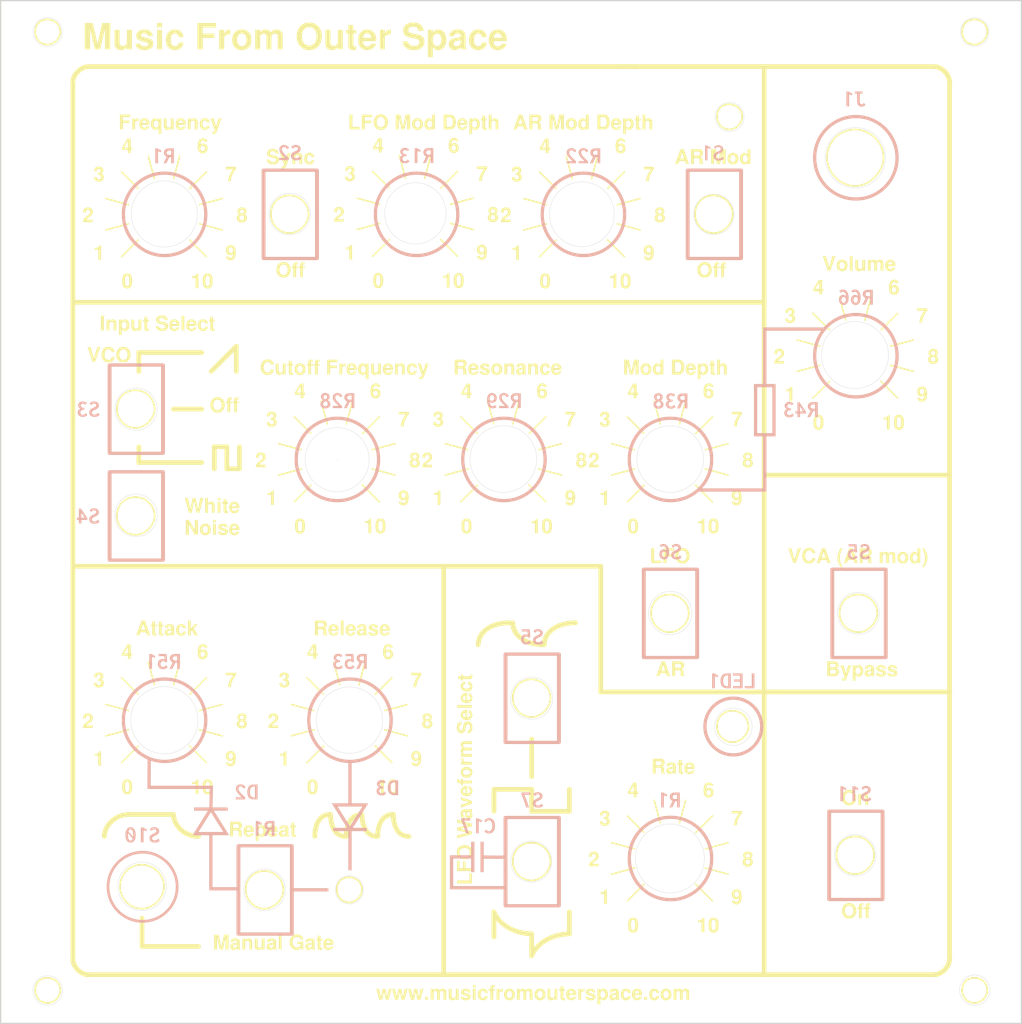
<source format=kicad_pcb>
(kicad_pcb (version 20240108) (generator "pcbnew") (generator_version "8.0")
  (layers (0 "F.Cu" signal) (31 "B.Cu" signal) (34 "B.Paste" user) (35 "F.Paste" user) (36 "B.SilkS" user "B.Silkscreen") (37 "F.SilkS" user "F.Silkscreen") (38 "B.Mask" user) (39 "F.Mask" user) (44 "Edge.Cuts" user))
  (net 0 "")
  (gr_poly (pts (xy 79.425702 177.793248) (xy 82.118558 177.793248) (xy 79.638608 181.761998) (xy 81.879293 181.761998) (xy 81.879293 182.291173) (xy 79.425702 182.291173) (xy 79.425702 188.690755) (xy 79.361468 188.669341) (xy 79.296551 188.650346) (xy 79.231019 188.633784) (xy 79.164941 188.619668) (xy 79.098385 188.608011) (xy 79.03142 188.598826) (xy 78.964114 188.592126) (xy 78.896535 188.587926) (xy 78.896535 182.291173) (xy 76.442418 182.291173) (xy 76.442418 181.761998) (xy 78.683629 181.761998) (xy 76.533895 178.322423) (xy 77.15814 178.322423) (xy 79.161115 181.526875) (xy 81.163579 178.322423) (xy 77.15814 178.322423) (xy 76.533895 178.322423) (xy 76.203161 177.793248) (xy 78.896535 177.793248) (xy 78.896535 171.047917) (xy 79.425702 171.047917)) (stroke (width -0.000001)) (fill solid) (layer "B.SilkS"))
  (gr_poly (pts (xy 70.44691 71.352519) (xy 70.474453 71.353474) (xy 70.501602 71.355065) (xy 70.528357 71.357293) (xy 70.554718 71.360158) (xy 70.580685 71.36366) (xy 70.606258 71.367798) (xy 70.631437 71.372573) (xy 70.656221 71.377985) (xy 70.680612 71.384033) (xy 70.704608 71.390717) (xy 70.72821 71.398039) (xy 70.751419 71.405997) (xy 70.774232 71.414591) (xy 70.796652 71.423822) (xy 70.818677 71.43369) (xy 70.840217 71.444104) (xy 70.861181 71.454973) (xy 70.881569 71.466296) (xy 70.901381 71.478074) (xy 70.920617 71.490307) (xy 70.939277 71.502995) (xy 70.95736 71.516137) (xy 70.974868 71.529734) (xy 70.9918 71.543786) (xy 71.008156 71.558293) (xy 71.023936 71.573254) (xy 71.03914 71.58867) (xy 71.053768 71.604541) (xy 71.06782 71.620866) (xy 71.081297 71.637646) (xy 71.094198 71.654881) (xy 71.105945 71.672496) (xy 71.116935 71.690413) (xy 71.127167 71.708634) (xy 71.136641 71.727158) (xy 71.145357 71.745985) (xy 71.153315 71.765115) (xy 71.160516 71.784548) (xy 71.166958 71.804284) (xy 71.172643 71.824324) (xy 71.177569 71.844666) (xy 71.181738 71.865312) (xy 71.185149 71.886261) (xy 71.187802 71.907513) (xy 71.189697 71.929068) (xy 71.190834 71.950926) (xy 71.191213 71.973088) (xy 71.19097 71.99334) (xy 71.190243 72.013349) (xy 71.189031 72.033116) (xy 71.187333 72.05264) (xy 71.185151 72.071922) (xy 71.182483 72.090961) (xy 71.179331 72.109757) (xy 71.175693 72.128311) (xy 71.17157 72.146622) (xy 71.166962 72.164691) (xy 71.161869 72.182517) (xy 71.156291 72.2001) (xy 71.150227 72.217442) (xy 71.143678 72.23454) (xy 71.136644 72.251396) (xy 71.129125 72.26801) (xy 71.121043 72.283957) (xy 71.112326 72.299782) (xy 71.102972 72.315487) (xy 71.092981 72.33107) (xy 71.082355 72.346531) (xy 71.071091 72.361872) (xy 71.059192 72.377091) (xy 71.046656 72.392189) (xy 71.033483 72.407166) (xy 71.019674 72.422021) (xy 71.005229 72.436756) (xy 70.990147 72.451368) (xy 70.974428 72.46586) (xy 70.958073 72.48023) (xy 70.941081 72.494479) (xy 70.923452 72.508607) (xy 70.885008 72.53577) (xy 70.843412 72.562934) (xy 70.798663 72.590098) (xy 70.750761 72.617261) (xy 70.699707 72.644425) (xy 70.645501 72.671589) (xy 70.588142 72.698753) (xy 70.527631 72.725918) (xy 70.478759 72.748838) (xy 70.43304 72.771029) (xy 70.390474 72.792493) (xy 70.351061 72.813229) (xy 70.314801 72.833238) (xy 70.281695 72.85252) (xy 70.251742 72.871074) (xy 70.224942 72.888901) (xy 70.212119 72.897633) (xy 70.199841 72.906364) (xy 70.188108 72.915095) (xy 70.176921 72.923826) (xy 70.166279 72.932557) (xy 70.156183 72.941288) (xy 70.146633 72.95002) (xy 70.137628 72.958751) (xy 70.129169 72.967482) (xy 70.121256 72.976214) (xy 70.113888 72.984945) (xy 70.107067 72.993677) (xy 70.100791 73.002408) (xy 70.095062 73.01114) (xy 70.089878 73.019871) (xy 70.085241 73.028603) (xy 70.081013 73.036894) (xy 70.077057 73.045276) (xy 70.073374 73.05375) (xy 70.069964 73.062314) (xy 70.066827 73.070969) (xy 70.063963 73.079715) (xy 70.061371 73.088553) (xy 70.059052 73.097481) (xy 70.057006 73.1065) (xy 70.055232 73.11561) (xy 70.053732 73.124812) (xy 70.052504 73.134104) (xy 70.051549 73.143487) (xy 70.050867 73.152961) (xy 70.050457 73.162525) (xy 70.050321 73.172181) (xy 70.050776 73.191296) (xy 70.05214 73.209834) (xy 70.054413 73.227797) (xy 70.057597 73.245183) (xy 70.061689 73.261994) (xy 70.066691 73.278229) (xy 70.072603 73.293887) (xy 70.0759 73.3015) (xy 70.079424 73.30897) (xy 70.083176 73.316295) (xy 70.087155 73.323476) (xy 70.091361 73.330513) (xy 70.095795 73.337407) (xy 70.100456 73.344156) (xy 70.105345 73.350761) (xy 70.110461 73.357223) (xy 70.115804 73.36354) (xy 70.127173 73.375742) (xy 70.139452 73.387369) (xy 70.15264 73.39842) (xy 70.166738 73.408894) (xy 70.181078 73.418293) (xy 70.195964 73.427085) (xy 70.211396 73.435271) (xy 70.227373 73.44285) (xy 70.243896 73.449823) (xy 70.260965 73.45619) (xy 70.278579 73.461951) (xy 70.296739 73.467105) (xy 70.315445 73.471652) (xy 70.334696 73.475594) (xy 70.354493 73.478929) (xy 70.374836 73.481657) (xy 70.395725 73.483779) (xy 70.41716 73.485295) (xy 70.439141 73.486205) (xy 70.461667 73.486508) (xy 70.479052 73.486326) (xy 70.496286 73.48578) (xy 70.513368 73.484871) (xy 70.530299 73.483597) (xy 70.547079 73.48196) (xy 70.563706 73.479959) (xy 70.580183 73.477594) (xy 70.596508 73.474865) (xy 70.612682 73.471773) (xy 70.628705 73.468317) (xy 70.644576 73.464497) (xy 70.660296 73.460313) (xy 70.675864 73.455766) (xy 70.691281 73.450855) (xy 70.706547 73.44558) (xy 70.721662 73.439942) (xy 70.750464 73.427876) (xy 70.778659 73.414961) (xy 70.806248 73.401197) (xy 70.83323 73.386584) (xy 70.859606 73.371123) (xy 70.885375 73.354813) (xy 70.910538 73.337653) (xy 70.935094 73.319646) (xy 70.946251 73.309216) (xy 70.956437 73.299272) (xy 70.961167 73.294482) (xy 70.965654 73.289813) (xy 70.969898 73.285266) (xy 70.9739 73.280839) (xy 70.977659 73.276534) (xy 70.981176 73.27235) (xy 70.98445 73.268288) (xy 70.987482 73.264346) (xy 70.990271 73.260527) (xy 70.992817 73.256828) (xy 70.995121 73.253251) (xy 70.997182 73.249795) (xy 71.000031 73.242032) (xy 71.00276 73.234269) (xy 71.005366 73.226507) (xy 71.007852 73.218746) (xy 71.010216 73.210985) (xy 71.012458 73.203224) (xy 71.014578 73.195463) (xy 71.016576 73.187703) (xy 71.051511 73.168309) (xy 71.067037 73.199357) (xy 71.280469 73.560246) (xy 71.262733 73.578391) (xy 71.244451 73.59596) (xy 71.225623 73.612953) (xy 71.20625 73.629369) (xy 71.186331 73.64521) (xy 71.165867 73.660474) (xy 71.144857 73.675163) (xy 71.123302 73.689275) (xy 71.101201 73.702812) (xy 71.078554 73.715772) (xy 71.055362 73.728157) (xy 71.031625 73.739965) (xy 71.007341 73.751197) (xy 70.982513 73.761853) (xy 70.957138 73.771933) (xy 70.931218 73.781438) (xy 70.877436 73.79781) (xy 70.822804 73.811998) (xy 70.767324 73.824004) (xy 70.710995 73.833827) (xy 70.653817 73.841466) (xy 70.595791 73.846923) (xy 70.536916 73.850197) (xy 70.477193 73.851289) (xy 70.477186 73.851281) (xy 70.440258 73.850887) (xy 70.40418 73.849704) (xy 70.368951 73.847734) (xy 70.33457 73.844975) (xy 70.301039 73.841428) (xy 70.268358 73.837093) (xy 70.236525 73.83197) (xy 70.205541 73.826058) (xy 70.175406 73.819358) (xy 70.14612 73.81187) (xy 70.117683 73.803594) (xy 70.090096 73.79453) (xy 70.063357 73.784677) (xy 70.037466 73.774036) (xy 70.012425 73.762607) (xy 69.988233 73.75039) (xy 69.964859 73.737065) (xy 69.942273 73.723286) (xy 69.920476 73.709052) (xy 69.899467 73.694364) (xy 69.879246 73.67922) (xy 69.859813 73.663622) (xy 69.841168 73.647569) (xy 69.823312 73.631062) (xy 69.806244 73.614099) (xy 69.789964 73.596682) (xy 69.774472 73.57881) (xy 69.759769 73.560483) (xy 69.745853 73.541702) (xy 69.732726 73.522466) (xy 69.720388 73.502774) (xy 69.708837 73.482629) (xy 69.698029 73.46221) (xy 69.687918 73.441701) (xy 69.678505 73.421101) (xy 69.669788 73.40041) (xy 69.661769 73.379628) (xy 69.654447 73.358755) (xy 69.647823 73.337791) (xy 69.641896 73.316735) (xy 69.636666 73.295589) (xy 69.632133 73.274352) (xy 69.628298 73.253024) (xy 69.625159 73.231605) (xy 69.622719 73.210096) (xy 69.620975 73.188495) (xy 69.619929 73.166803) (xy 69.619581 73.14502) (xy 69.619808 73.123844) (xy 69.62049 73.103001) (xy 69.621627 73.082491) (xy 69.623218 73.062315) (xy 69.625265 73.042473) (xy 69.627766 73.022964) (xy 69.630721 73.003788) (xy 69.634132 72.984946) (xy 69.637997 72.966437) (xy 69.642317 72.948262) (xy 69.647091 72.930421) (xy 69.652321 72.912913) (xy 69.658005 72.895738) (xy 69.664143 72.878897) (xy 69.670737 72.862389) (xy 69.677785 72.846215) (xy 69.684909 72.830298) (xy 69.6927 72.814564) (xy 69.701159 72.799011) (xy 69.710284 72.78364) (xy 69.720076 72.768451) (xy 69.730535 72.753444) (xy 69.741661 72.738619) (xy 69.753454 72.723976) (xy 69.765915 72.709515) (xy 69.779042 72.695235) (xy 69.792837 72.681138) (xy 69.807298 72.667223) (xy 69.822427 72.653489) (xy 69.838223 72.639938) (xy 69.854686 72.626568) (xy 69.871816 72.613381) (xy 69.908378 72.586157) (xy 69.948214 72.558811) (xy 69.991324 72.531345) (xy 70.03771 72.503757) (xy 70.087369 72.476047) (xy 70.140303 72.448217) (xy 70.196511 72.420264) (xy 70.255994 72.39219) (xy 70.309534 72.368361) (xy 70.359556 72.345381) (xy 70.406062 72.32325) (xy 70.449051 72.301968) (xy 70.488524 72.281534) (xy 70.52448 72.26195) (xy 70.55692 72.243214) (xy 70.585843 72.225327) (xy 70.598667 72.216626) (xy 70.610945 72.207985) (xy 70.622678 72.199405) (xy 70.633865 72.190886) (xy 70.644507 72.182428) (xy 70.654603 72.17403) (xy 70.664153 72.165693) (xy 70.673158 72.157417) (xy 70.681617 72.149201) (xy 70.68953 72.141046) (xy 70.696897 72.132951) (xy 70.703719 72.124918) (xy 70.709995 72.116944) (xy 70.715724 72.109032) (xy 70.720908 72.10118) (xy 70.725545 72.093388) (xy 70.729773 72.085567) (xy 70.733729 72.077624) (xy 70.737412 72.06956) (xy 70.740822 72.061375) (xy 70.743959 72.053068) (xy 70.746823 72.04464) (xy 70.749415 72.036091) (xy 70.751734 72.02742) (xy 70.75378 72.018628) (xy 70.755554 72.009714) (xy 70.757054 72.000679) (xy 70.758282 71.991523) (xy 70.759237 71.982246) (xy 70.759919 71.972847) (xy 70.760329 71.963328) (xy 70.760465 71.953686) (xy 70.760101 71.941651) (xy 70.75901 71.929797) (xy 70.757191 71.918125) (xy 70.754644 71.906636) (xy 70.75137 71.895327) (xy 70.747368 71.884201) (xy 70.742639 71.873257) (xy 70.737182 71.862495) (xy 70.730997 71.851914) (xy 70.724085 71.841516) (xy 70.716446 71.831299) (xy 70.708078 71.821264) (xy 70.698983 71.811411) (xy 70.689161 71.80174) (xy 70.678611 71.792251) (xy 70.667333 71.782944) (xy 70.655434 71.774016) (xy 70.643019 71.765663) (xy 70.630089 71.757886) (xy 70.616643 71.750686) (xy 70.602682 71.744061) (xy 70.588205 71.738013) (xy 70.573213 71.73254) (xy 70.557706 71.727644) (xy 70.541684 71.723323) (xy 70.525146 71.719579) (xy 70.508092 71.716411) (xy 70.490524 71.713819) (xy 70.47244 71.711802) (xy 70.453841 71.710362) (xy 70.434727 71.709498) (xy 70.415098 71.70921) (xy 70.38745 71.709574) (xy 70.360772 71.710666) (xy 70.335064 71.712485) (xy 70.310326 71.715032) (xy 70.286557 71.718306) (xy 70.263758 71.722308) (xy 70.241928 71.727038) (xy 70.221067 71.732495) (xy 70.210441 71.735587) (xy 70.199906 71.739043) (xy 70.189461 71.742863) (xy 70.179108 71.747047) (xy 70.168846 71.751594) (xy 70.158675 71.756506) (xy 70.148595 71.761781) (xy 70.138606 71.76742) (xy 70.128708 71.773422) (xy 70.118901 71.779789) (xy 70.109185 71.786519) (xy 70.099561 71.793613) (xy 70.090027 71.801071) (xy 70.080584 71.808892) (xy 70.071232 71.817078) (xy 70.061971 71.825627) (xy 70.05677 71.831387) (xy 70.051843 71.837026) (xy 70.047188 71.842544) (xy 70.042806 71.84794) (xy 70.038698 71.853215) (xy 70.034862 71.858369) (xy 70.031299 71.863402) (xy 70.02801 71.868314) (xy 70.024993 71.873104) (xy 70.022249 71.877773) (xy 70.019778 71.882321) (xy 70.01758 71.886747) (xy 70.015655 71.891052) (xy 70.014003 71.895236) (xy 70.012624 71.899299) (xy 70.011518 71.903241) (xy 70.008729 71.910092) (xy 70.006183 71.917065) (xy 70.00388 71.924159) (xy 70.001818 71.931374) (xy 69.999999 71.93871) (xy 69.998421 71.946169) (xy 69.997086 71.953748) (xy 69.995992 71.961449) (xy 69.964948 71.98473) (xy 69.941663 71.957566) (xy 69.685552 71.662644) (xy 69.722068 71.625051) (xy 69.759827 71.589884) (xy 69.798829 71.557142) (xy 69.839074 71.526825) (xy 69.880563 71.498933) (xy 69.923294 71.473467) (xy 69.967268 71.450427) (xy 70.012486 71.429811) (xy 70.058946 71.411621) (xy 70.10665 71.395856) (xy 70.155596 71.382517) (xy 70.205786 71.371603) (xy 70.257218 71.363114) (xy 70.309894 71.357051) (xy 70.363812 71.353413) (xy 70.418973 71.3522)) (stroke (width -0.000001)) (fill solid) (layer "B.SilkS"))
  (gr_poly (pts (xy 117.262792 75.660191) (xy 117.614319 75.686966) (xy 117.960764 75.731056) (xy 118.301692 75.792024) (xy 118.636664 75.869435) (xy 118.965244 75.96285) (xy 119.286996 76.071832) (xy 119.601481 76.195946) (xy 119.908264 76.334754) (xy 120.206906 76.487818) (xy 120.496972 76.654703) (xy 120.778025 76.83497) (xy 121.049627 77.028184) (xy 121.311341 77.233907) (xy 121.562731 77.451702) (xy 121.803359 77.681133) (xy 122.032789 77.921761) (xy 122.250584 78.173152) (xy 122.456307 78.434866) (xy 122.64952 78.706469) (xy 122.829787 78.987522) (xy 122.996671 79.277588) (xy 123.149736 79.576232) (xy 123.288543 79.883015) (xy 123.412656 80.1975) (xy 123.521639 80.519252) (xy 123.615053 80.847833) (xy 123.692464 81.182806) (xy 123.753432 81.523733) (xy 123.797522 81.870179) (xy 123.824296 82.221706) (xy 123.833318 82.577878) (xy 123.824296 82.934049) (xy 123.797522 83.285576) (xy 123.753432 83.632022) (xy 123.692464 83.97295) (xy 123.615053 84.307922) (xy 123.521639 84.636503) (xy 123.412656 84.958255) (xy 123.288543 85.272741) (xy 123.149736 85.579524) (xy 122.996671 85.878167) (xy 122.829787 86.168234) (xy 122.64952 86.449287) (xy 122.456307 86.720889) (xy 122.250584 86.982604) (xy 122.032789 87.233994) (xy 121.803359 87.474623) (xy 121.562731 87.704053) (xy 121.311341 87.921849) (xy 121.049627 88.127572) (xy 120.778025 88.320785) (xy 120.496972 88.501053) (xy 120.206906 88.667937) (xy 119.908264 88.821002) (xy 119.601481 88.959809) (xy 119.286996 89.083923) (xy 118.965244 89.192906) (xy 118.636664 89.286321) (xy 118.301692 89.363731) (xy 117.960764 89.4247) (xy 117.614319 89.46879) (xy 117.262792 89.495564) (xy 116.906621 89.504586) (xy 116.550449 89.495564) (xy 116.198921 89.46879) (xy 115.852474 89.4247) (xy 115.511546 89.363731) (xy 115.176572 89.286321) (xy 114.847991 89.192906) (xy 114.526239 89.083923) (xy 114.211753 88.959809) (xy 113.904969 88.821002) (xy 113.606326 88.667937) (xy 113.316259 88.501053) (xy 113.035206 88.320785) (xy 112.763604 88.127572) (xy 112.501889 87.921849) (xy 112.250499 87.704053) (xy 112.00987 87.474623) (xy 111.780439 87.233994) (xy 111.562644 86.982604) (xy 111.356922 86.720889) (xy 111.163708 86.449287) (xy 110.983441 86.168234) (xy 110.816556 85.878167) (xy 110.663492 85.579524) (xy 110.524685 85.272741) (xy 110.400571 84.958255) (xy 110.291589 84.636503) (xy 110.198174 84.307922) (xy 110.120764 83.97295) (xy 110.059795 83.632022) (xy 110.015705 83.285576) (xy 109.988931 82.934049) (xy 109.979909 82.577878) (xy 110.509069 82.577878) (xy 110.517384 82.90737) (xy 110.542064 83.232505) (xy 110.582708 83.552883) (xy 110.638916 83.868103) (xy 110.710287 84.177767) (xy 110.796421 84.481472) (xy 110.896919 84.77882) (xy 111.011379 85.069409) (xy 111.139402 85.35284) (xy 111.280587 85.628712) (xy 111.434534 85.896625) (xy 111.600843 86.156178) (xy 111.779114 86.406972) (xy 111.968946 86.648607) (xy 112.169938 86.880681) (xy 112.381692 87.102795) (xy 112.603807 87.314549) (xy 112.835881 87.515542) (xy 113.077516 87.705373) (xy 113.32831 87.883644) (xy 113.587864 88.049953) (xy 113.855778 88.2039) (xy 114.13165 88.345085) (xy 114.415082 88.473108) (xy 114.705672 88.587568) (xy 115.00302 88.688066) (xy 115.306726 88.774201) (xy 115.616391 88.845572) (xy 115.931613 88.901779) (xy 116.251992 88.942423) (xy 116.577128 88.967103) (xy 116.906621 88.975419) (xy 117.236113 88.967103) (xy 117.561248 88.942423) (xy 117.881626 88.901779) (xy 118.196847 88.845572) (xy 118.50651 88.774201) (xy 118.810215 88.688066) (xy 119.107563 88.587568) (xy 119.398152 88.473108) (xy 119.681583 88.345085) (xy 119.957454 88.2039) (xy 120.225367 88.049953) (xy 120.484921 87.883644) (xy 120.735715 87.705373) (xy 120.977349 87.515542) (xy 121.209423 87.314549) (xy 121.431537 87.102795) (xy 121.64329 86.880681) (xy 121.844283 86.648607) (xy 122.034115 86.406972) (xy 122.212385 86.156178) (xy 122.378694 85.896625) (xy 122.532641 85.628712) (xy 122.673826 85.35284) (xy 122.801848 85.069409) (xy 122.916309 84.77882) (xy 123.016806 84.481472) (xy 123.102941 84.177767) (xy 123.174312 83.868103) (xy 123.230519 83.552883) (xy 123.271163 83.232505) (xy 123.295843 82.90737) (xy 123.304158 82.577878) (xy 123.295843 82.248386) (xy 123.271163 81.923251) (xy 123.230519 81.602873) (xy 123.174312 81.287652) (xy 123.102941 80.977989) (xy 123.016806 80.674283) (xy 122.916309 80.376936) (xy 122.801848 80.086346) (xy 122.673826 79.802916) (xy 122.532641 79.527044) (xy 122.378694 79.259131) (xy 122.212385 78.999577) (xy 122.034115 78.748783) (xy 121.844283 78.507149) (xy 121.64329 78.275074) (xy 121.431537 78.05296) (xy 121.209423 77.841207) (xy 120.977349 77.640214) (xy 120.735715 77.450382) (xy 120.484921 77.272111) (xy 120.225367 77.105803) (xy 119.957454 76.951855) (xy 119.681583 76.81067) (xy 119.398152 76.682647) (xy 119.107563 76.568187) (xy 118.810215 76.467689) (xy 118.50651 76.381555) (xy 118.196847 76.310184) (xy 117.881626 76.253976) (xy 117.561248 76.213332) (xy 117.236113 76.188652) (xy 116.906621 76.180337) (xy 116.577128 76.188652) (xy 116.251992 76.213332) (xy 115.931613 76.253976) (xy 115.616391 76.310184) (xy 115.306726 76.381555) (xy 115.00302 76.467689) (xy 114.705672 76.568187) (xy 114.415082 76.682647) (xy 114.13165 76.81067) (xy 113.855778 76.951855) (xy 113.587864 77.105802) (xy 113.32831 77.27211) (xy 113.077516 77.450381) (xy 112.835881 77.640213) (xy 112.603807 77.841205) (xy 112.381692 78.052959) (xy 112.169938 78.275073) (xy 111.968946 78.507147) (xy 111.779114 78.748781) (xy 111.600843 78.999575) (xy 111.434534 79.259129) (xy 111.280587 79.527042) (xy 111.139402 79.802914) (xy 111.011379 80.086345) (xy 110.896919 80.376934) (xy 110.796421 80.674282) (xy 110.710287 80.977987) (xy 110.638916 81.287651) (xy 110.582708 81.602872) (xy 110.542064 81.92325) (xy 110.517384 82.248386) (xy 110.509069 82.577878) (xy 109.979909 82.577878) (xy 109.988931 82.221707) (xy 110.015705 81.87018) (xy 110.059795 81.523734) (xy 110.120764 81.182807) (xy 110.198174 80.847834) (xy 110.291589 80.519254) (xy 110.400571 80.197502) (xy 110.524685 79.883016) (xy 110.663492 79.576233) (xy 110.816556 79.27759) (xy 110.983441 78.987523) (xy 111.163708 78.70647) (xy 111.356922 78.434868) (xy 111.562644 78.173153) (xy 111.780439 77.921763) (xy 112.00987 77.681134) (xy 112.250499 77.451703) (xy 112.501889 77.233908) (xy 112.763604 77.028185) (xy 113.035206 76.834971) (xy 113.316259 76.654703) (xy 113.606326 76.487819) (xy 113.904969 76.334754) (xy 114.211753 76.195947) (xy 114.526239 76.071833) (xy 114.847991 75.96285) (xy 115.176572 75.869435) (xy 115.511546 75.792024) (xy 115.852474 75.731056) (xy 116.198921 75.686966) (xy 116.550449 75.660191) (xy 116.906621 75.651169)) (stroke (width -0.000001)) (fill solid) (layer "B.SilkS"))
  (gr_poly (pts (xy 75.198714 111.453196) (xy 75.225635 111.454151) (xy 75.252072 111.455743) (xy 75.278023 111.457972) (xy 75.303489 111.460837) (xy 75.32847 111.464339) (xy 75.352965 111.468478) (xy 75.376976 111.473253) (xy 75.400502 111.478665) (xy 75.423543 111.484714) (xy 75.446099 111.491399) (xy 75.468169 111.498721) (xy 75.489755 111.50668) (xy 75.510856 111.515275) (xy 75.531472 111.524507) (xy 75.551603 111.534375) (xy 75.571204 111.544805) (xy 75.59023 111.555721) (xy 75.608679 111.567121) (xy 75.626552 111.579006) (xy 75.643848 111.591375) (xy 75.660569 111.60423) (xy 75.676713 111.61757) (xy 75.692281 111.631394) (xy 75.707273 111.645704) (xy 75.721689 111.660498) (xy 75.735529 111.675777) (xy 75.748792 111.691542) (xy 75.76148 111.707791) (xy 75.773591 111.724525) (xy 75.785127 111.741745) (xy 75.796087 111.75945) (xy 75.806425 111.777048) (xy 75.816096 111.79492) (xy 75.825099 111.813064) (xy 75.833436 111.831482) (xy 75.841106 111.850172) (xy 75.848108 111.869135) (xy 75.854444 111.888371) (xy 75.860112 111.90788) (xy 75.865114 111.927661) (xy 75.869449 111.947716) (xy 75.873116 111.968043) (xy 75.876117 111.988643) (xy 75.878451 112.009516) (xy 75.880118 112.030662) (xy 75.881118 112.052081) (xy 75.881452 112.073773) (xy 75.881088 112.094086) (xy 75.879997 112.114277) (xy 75.878178 112.134348) (xy 75.875631 112.154296) (xy 75.872357 112.174124) (xy 75.868356 112.193831) (xy 75.863626 112.213416) (xy 75.85817 112.232879) (xy 75.851986 112.252222) (xy 75.845074 112.271443) (xy 75.837435 112.290543) (xy 75.829068 112.309521) (xy 75.819974 112.328378) (xy 75.810153 112.347114) (xy 75.799604 112.365728) (xy 75.788328 112.384221) (xy 75.776457 112.401971) (xy 75.764132 112.419327) (xy 75.751352 112.436289) (xy 75.738118 112.452857) (xy 75.724429 112.469031) (xy 75.710285 112.48481) (xy 75.695687 112.500196) (xy 75.680634 112.515188) (xy 75.665126 112.529786) (xy 75.649164 112.543989) (xy 75.632747 112.557799) (xy 75.615875 112.571215) (xy 75.598549 112.584236) (xy 75.580769 112.596864) (xy 75.562533 112.609098) (xy 75.543844 112.620938) (xy 75.56878 112.634278) (xy 75.59314 112.648103) (xy 75.616924 112.662414) (xy 75.640132 112.677209) (xy 75.662765 112.692489) (xy 75.684821 112.708254) (xy 75.706301 112.724503) (xy 75.727205 112.741238) (xy 75.747532 112.758458) (xy 75.767284 112.776163) (xy 75.786459 112.794352) (xy 75.805059 112.813027) (xy 75.823081 112.832187) (xy 75.840528 112.851831) (xy 75.857399 112.871961) (xy 75.873693 112.892575) (xy 75.88873 112.913221) (xy 75.902797 112.934413) (xy 75.915894 112.956151) (xy 75.928021 112.978434) (xy 75.939177 113.001263) (xy 75.949364 113.024638) (xy 75.95858 113.048558) (xy 75.966826 113.073024) (xy 75.974102 113.098036) (xy 75.980407 113.123594) (xy 75.985743 113.149697) (xy 75.990108 113.176345) (xy 75.993503 113.203539) (xy 75.995929 113.231279) (xy 75.997384 113.259565) (xy 75.997869 113.288396) (xy 75.99749 113.312013) (xy 75.996353 113.335328) (xy 75.994459 113.358339) (xy 75.991806 113.381047) (xy 75.988396 113.403452) (xy 75.984228 113.425553) (xy 75.979302 113.447351) (xy 75.973618 113.468846) (xy 75.967176 113.490038) (xy 75.959976 113.510926) (xy 75.952019 113.531511) (xy 75.943303 113.551793) (xy 75.933829 113.571771) (xy 75.923598 113.591447) (xy 75.912609 113.610819) (xy 75.900861 113.629887) (xy 75.887945 113.648092) (xy 75.874423 113.665842) (xy 75.860295 113.683138) (xy 75.84556 113.699979) (xy 75.83022 113.716366) (xy 75.814273 113.732298) (xy 75.797719 113.747775) (xy 75.78056 113.762797) (xy 75.762794 113.777365) (xy 75.744422 113.791478) (xy 75.725444 113.805136) (xy 75.705859 113.818339) (xy 75.685668 113.831088) (xy 75.664871 113.843382) (xy 75.643467 113.855221) (xy 75.621457 113.866605) (xy 75.598417 113.876943) (xy 75.574891 113.886614) (xy 75.55088 113.895618) (xy 75.526384 113.903955) (xy 75.501403 113.911625) (xy 75.475937 113.918629) (xy 75.449985 113.924965) (xy 75.423549 113.930634) (xy 75.396627 113.935637) (xy 75.369221 113.939972) (xy 75.341329 113.94364) (xy 75.312952 113.946642) (xy 75.28409 113.948976) (xy 75.254743 113.950643) (xy 75.22491 113.951644) (xy 75.194593 113.951977) (xy 75.194585 113.951962) (xy 75.164738 113.951629) (xy 75.135345 113.950628) (xy 75.106408 113.948961) (xy 75.077925 113.946626) (xy 75.049897 113.943625) (xy 75.022325 113.939957) (xy 74.995207 113.935621) (xy 74.968543 113.930619) (xy 74.942335 113.92495) (xy 74.916581 113.918613) (xy 74.891282 113.91161) (xy 74.866437 113.90394) (xy 74.842047 113.895603) (xy 74.818112 113.886599) (xy 74.794631 113.876927) (xy 74.771604 113.866589) (xy 74.749124 113.85519) (xy 74.727281 113.843306) (xy 74.706075 113.830937) (xy 74.685505 113.818082) (xy 74.665573 113.804743) (xy 74.646276 113.790918) (xy 74.627617 113.776608) (xy 74.609594 113.761814) (xy 74.592207 113.746534) (xy 74.575457 113.730769) (xy 74.559344 113.71452) (xy 74.543867 113.697785) (xy 74.529027 113.680565) (xy 74.514823 113.662861) (xy 74.501255 113.644671) (xy 74.488324 113.625996) (xy 74.476107 113.606441) (xy 74.464678 113.586583) (xy 74.454037 113.566422) (xy 74.444185 113.545958) (xy 74.43512 113.52519) (xy 74.426844 113.50412) (xy 74.419356 113.482746) (xy 74.412656 113.46107) (xy 74.406745 113.43909) (xy 74.401621 113.416807) (xy 74.397286 113.394221) (xy 74.393739 113.371332) (xy 74.39098 113.34814) (xy 74.38901 113.324645) (xy 74.387827 113.300847) (xy 74.387433 113.276746) (xy 74.387858 113.251188) (xy 74.387938 113.249592) (xy 74.818174 113.249592) (xy 74.818537 113.267828) (xy 74.819629 113.285669) (xy 74.821448 113.303116) (xy 74.823994 113.320169) (xy 74.827269 113.336829) (xy 74.83127 113.353094) (xy 74.836 113.368965) (xy 74.841457 113.384442) (xy 74.847641 113.399525) (xy 74.854553 113.414214) (xy 74.862193 113.428508) (xy 74.87056 113.442409) (xy 74.879655 113.455915) (xy 74.889478 113.469027) (xy 74.900028 113.481745) (xy 74.911306 113.494069) (xy 74.923296 113.505816) (xy 74.935983 113.516806) (xy 74.949368 113.527038) (xy 74.963451 113.536512) (xy 74.97823 113.545228) (xy 74.993707 113.553186) (xy 75.009881 113.560387) (xy 75.026753 113.566829) (xy 75.044322 113.572514) (xy 75.062588 113.577441) (xy 75.081551 113.58161) (xy 75.101211 113.58502) (xy 75.121569 113.587673) (xy 75.142624 113.589568) (xy 75.164377 113.590705) (xy 75.186822 113.591084) (xy 75.208359 113.59069) (xy 75.229323 113.589508) (xy 75.249711 113.587537) (xy 75.269523 113.584778) (xy 75.28876 113.581231) (xy 75.30742 113.576896) (xy 75.325504 113.571772) (xy 75.343012 113.56586) (xy 75.359944 113.55916) (xy 75.3763 113.551672) (xy 75.39208 113.543395) (xy 75.407284 113.53433) (xy 75.421912 113.524476) (xy 75.435964 113.513834) (xy 75.449439 113.502404) (xy 75.462339 113.490185) (xy 75.474557 113.477376) (xy 75.485987 113.464172) (xy 75.496629 113.450574) (xy 75.506482 113.436582) (xy 75.515546 113.422195) (xy 75.523823 113.407415) (xy 75.53131 113.392241) (xy 75.53801 113.376673) (xy 75.543921 113.360712) (xy 75.549044 113.344356) (xy 75.553379 113.327606) (xy 75.556925 113.310462) (xy 75.559684 113.292925) (xy 75.561654 113.274994) (xy 75.562836 113.256669) (xy 75.56323 113.23795) (xy 75.562912 113.219184) (xy 75.561957 113.200722) (xy 75.560365 113.182562) (xy 75.558137 113.164705) (xy 75.555272 113.147151) (xy 75.551771 113.129901) (xy 75.547633 113.112953) (xy 75.542858 113.096308) (xy 75.537447 113.079967) (xy 75.531399 113.063928) (xy 75.524714 113.048193) (xy 75.517393 113.032761) (xy 75.509435 113.017632) (xy 75.50084 113.002806) (xy 75.491609 112.988284) (xy 75.48174 112.974065) (xy 75.471341 112.960149) (xy 75.460518 112.946536) (xy 75.449271 112.933226) (xy 75.437599 112.92022) (xy 75.425503 112.907517) (xy 75.412982 112.895117) (xy 75.400037 112.88302) (xy 75.386668 112.871227) (xy 75.372874 112.859737) (xy 75.358655 112.84855) (xy 75.344013 112.837666) (xy 75.328946 112.827085) (xy 75.313454 112.816807) (xy 75.297538 112.806833) (xy 75.281197 112.797161) (xy 75.264432 112.787793) (xy 75.239526 112.796252) (xy 75.215257 112.805136) (xy 75.191625 112.814444) (xy 75.168629 112.824176) (xy 75.146271 112.834333) (xy 75.124549 112.844915) (xy 75.103463 112.85592) (xy 75.083015 112.86735) (xy 75.063203 112.879205) (xy 75.044028 112.891483) (xy 75.02549 112.904186) (xy 75.007588 112.917314) (xy 74.990323 112.930865) (xy 74.973695 112.944841) (xy 74.957704 112.959241) (xy 74.94235 112.974065) (xy 74.927312 112.98924) (xy 74.913245 113.004688) (xy 74.900148 113.020408) (xy 74.888022 113.036401) (xy 74.876865 113.052666) (xy 74.866679 113.069205) (xy 74.857463 113.086016) (xy 74.849217 113.1031) (xy 74.841941 113.120456) (xy 74.835635 113.138085) (xy 74.8303 113.155988) (xy 74.825934 113.174163) (xy 74.822539 113.192611) (xy 74.820114 113.211332) (xy 74.818659 113.230326) (xy 74.818174 113.249592) (xy 74.387938 113.249592) (xy 74.389131 113.225934) (xy 74.391254 113.200983) (xy 74.394225 113.176335) (xy 74.398045 113.151991) (xy 74.402715 113.127949) (xy 74.408233 113.104212) (xy 74.4146 113.080777) (xy 74.421815 113.057646) (xy 74.42988 113.034817) (xy 74.438793 113.012293) (xy 74.448556 112.990071) (xy 74.459166 112.968153) (xy 74.470626 112.946538) (xy 74.482934 112.925226) (xy 74.496091 112.904217) (xy 74.510006 112.883146) (xy 74.524588 112.86262) (xy 74.539837 112.84264) (xy 74.555753 112.823206) (xy 74.572337 112.804318) (xy 74.589587 112.785976) (xy 74.607505 112.768179) (xy 74.626089 112.750929) (xy 74.645341 112.734224) (xy 74.66526 112.718065) (xy 74.685846 112.702452) (xy 74.707098 112.687384) (xy 74.729018 112.672863) (xy 74.751605 112.658887) (xy 74.774859 112.645457) (xy 74.79878 112.632573) (xy 74.780105 112.62072) (xy 74.761915 112.608443) (xy 74.74421 112.595741) (xy 74.72699 112.582614) (xy 74.710255 112.569063) (xy 74.694005 112.555087) (xy 74.678239 112.540686) (xy 74.662959 112.52586) (xy 74.648164 112.510611) (xy 74.633855 112.494936) (xy 74.62003 112.478838) (xy 74.606691 112.462315) (xy 74.593837 112.445367) (xy 74.581468 112.427996) (xy 74.569585 112.4102) (xy 74.558187 112.39198) (xy 74.547379 112.373366) (xy 74.537268 112.354388) (xy 74.527855 112.335045) (xy 74.519138 112.315339) (xy 74.511119 112.295269) (xy 74.503797 112.274835) (xy 74.497173 112.254037) (xy 74.491246 112.232876) (xy 74.486016 112.21135) (xy 74.481483 112.189461) (xy 74.477647 112.167208) (xy 74.474509 112.144591) (xy 74.472069 112.121611) (xy 74.470325 112.098267) (xy 74.469588 112.081547) (xy 74.884145 112.081547) (xy 74.884373 112.096085) (xy 74.885055 112.110592) (xy 74.886192 112.125068) (xy 74.887784 112.139515) (xy 74.889831 112.15393) (xy 74.892333 112.168316) (xy 74.895289 112.182671) (xy 74.8987 112.196995) (xy 74.902566 112.21129) (xy 74.906886 112.225553) (xy 74.911662 112.239787) (xy 74.916892 112.25399) (xy 74.922576 112.268163) (xy 74.928715 112.282305) (xy 74.935309 112.296417) (xy 74.942357 112.310498) (xy 74.949845 112.323974) (xy 74.957758 112.337238) (xy 74.966095 112.35029) (xy 74.974857 112.363128) (xy 74.984043 112.375755) (xy 74.993654 112.388169) (xy 75.003689 112.400371) (xy 75.014149 112.412361) (xy 75.025033 112.424138) (xy 75.036342 112.435704) (xy 75.048075 112.447057) (xy 75.060232 112.458199) (xy 75.072813 112.469128) (xy 75.085819 112.479846) (xy 75.099249 112.490351) (xy 75.113103 112.500645) (xy 75.113111 112.500653) (xy 75.150215 112.479979) (xy 75.168222 112.469414) (xy 75.185865 112.458698) (xy 75.203145 112.447829) (xy 75.220061 112.436809) (xy 75.236613 112.425638) (xy 75.252802 112.414314) (xy 75.268627 112.402839) (xy 75.284089 112.391212) (xy 75.299187 112.379433) (xy 75.313921 112.367503) (xy 75.328292 112.355421) (xy 75.342299 112.343187) (xy 75.355942 112.330802) (xy 75.369222 112.318265) (xy 75.381439 112.305485) (xy 75.392868 112.292373) (xy 75.403509 112.278927) (xy 75.413362 112.265148) (xy 75.422426 112.251036) (xy 75.430702 112.23659) (xy 75.438191 112.221811) (xy 75.44489 112.206698) (xy 75.450802 112.191252) (xy 75.455925 112.175473) (xy 75.46026 112.159359) (xy 75.463807 112.142913) (xy 75.466566 112.126132) (xy 75.468537 112.109018) (xy 75.469719 112.09157) (xy 75.470113 112.073788) (xy 75.469825 112.060328) (xy 75.468961 112.04711) (xy 75.467521 112.034135) (xy 75.465504 112.021402) (xy 75.462912 112.008911) (xy 75.459743 111.996663) (xy 75.455999 111.984657) (xy 75.451679 111.972893) (xy 75.446782 111.961372) (xy 75.44131 111.950094) (xy 75.435262 111.939058) (xy 75.428638 111.928265) (xy 75.421438 111.917714) (xy 75.413662 111.907405) (xy 75.40531 111.89734) (xy 75.396383 111.887517) (xy 75.38691 111.878119) (xy 75.376921 111.869328) (xy 75.366417 111.861144) (xy 75.355397 111.853565) (xy 75.343862 111.846593) (xy 75.331811 111.840227) (xy 75.319245 111.834467) (xy 75.306163 111.829313) (xy 75.292566 111.824766) (xy 75.278453 111.820825) (xy 75.263825 111.81749) (xy 75.248681 111.814761) (xy 75.233022 111.812639) (xy 75.216847 111.811123) (xy 75.200156 111.810214) (xy 75.18295 111.80991) (xy 75.165731 111.810229) (xy 75.148996 111.811184) (xy 75.132747 111.812775) (xy 75.116982 111.815003) (xy 75.101703 111.817868) (xy 75.086909 111.82137) (xy 75.072599 111.825508) (xy 75.058775 111.830283) (xy 75.045436 111.835695) (xy 75.032582 111.841743) (xy 75.020213 111.848428) (xy 75.008329 111.855751) (xy 74.99693 111.863709) (xy 74.986016 111.872305) (xy 74.975586 111.881538) (xy 74.965642 111.891408) (xy 74.955774 111.901243) (xy 74.946542 111.911352) (xy 74.937947 111.921734) (xy 74.929988 111.932389) (xy 74.922666 111.943317) (xy 74.915981 111.954518) (xy 74.909932 111.965993) (xy 74.90452 111.97774) (xy 74.899745 111.98976) (xy 74.895606 112.002054) (xy 74.892104 112.014621) (xy 74.889239 112.02746) (xy 74.88701 112.040573) (xy 74.885419 112.053958) (xy 74.884463 112.067616) (xy 74.884145 112.081547) (xy 74.469588 112.081547) (xy 74.469279 112.074559) (xy 74.468931 112.050488) (xy 74.469643 112.019733) (xy 74.47178 111.989553) (xy 74.475342 111.959949) (xy 74.480329 111.930921) (xy 74.486741 111.902468) (xy 74.494577 111.874592) (xy 74.503839 111.847291) (xy 74.514525 111.820567) (xy 74.526636 111.794418) (xy 74.540172 111.768846) (xy 74.555133 111.743849) (xy 74.571519 111.719428) (xy 74.589329 111.695584) (xy 74.608565 111.672316) (xy 74.629226 111.649623) (xy 74.651311 111.627507) (xy 74.674717 111.606361) (xy 74.699335 111.586579) (xy 74.725165 111.568161) (xy 74.752208 111.551108) (xy 74.780464 111.535418) (xy 74.809932 111.521093) (xy 74.840612 111.508133) (xy 74.872505 111.496536) (xy 74.905611 111.486304) (xy 74.93993 111.477436) (xy 74.975461 111.469932) (xy 75.012205 111.463792) (xy 75.050161 111.459017) (xy 75.089331 111.455606) (xy 75.129713 111.45356) (xy 75.171308 111.452878)) (stroke (width -0.000001)) (fill solid) (layer "B.SilkS"))
  (gr_poly (pts (xy 64.227201 177.174245) (xy 63.648999 177.174245) (xy 63.601553 177.173684) (xy 63.555259 177.172001) (xy 63.510116 177.169196) (xy 63.466126 177.16527) (xy 63.423288 177.160222) (xy 63.381601 177.154052) (xy 63.341067 177.14676) (xy 63.301685 177.138346) (xy 63.263455 177.128811) (xy 63.226376 177.118154) (xy 63.190451 177.106376) (xy 63.155677 177.093476) (xy 63.122055 177.079454) (xy 63.089586 177.064311) (xy 63.058269 177.048046) (xy 63.028104 177.030659) (xy 62.998529 177.01223) (xy 62.969955 176.992829) (xy 62.942382 176.972457) (xy 62.915809 176.951115) (xy 62.890237 176.928803) (xy 62.865665 176.905519) (xy 62.842094 176.881266) (xy 62.819523 176.856042) (xy 62.797953 176.829847) (xy 62.777384 176.802683) (xy 62.757815 176.774548) (xy 62.739246 176.745444) (xy 62.721678 176.71537) (xy 62.705111 176.684326) (xy 62.689544 176.652312) (xy 62.674978 176.619328) (xy 62.661318 176.585007) (xy 62.648477 176.549959) (xy 62.636455 176.514184) (xy 62.625252 176.477681) (xy 62.614867 176.440452) (xy 62.605301 176.402495) (xy 62.596554 176.36381) (xy 62.588626 176.324399) (xy 62.581517 176.28426) (xy 62.575226 176.243393) (xy 62.565101 176.159477) (xy 62.558252 176.072651) (xy 62.554832 175.986806) (xy 62.985418 175.986806) (xy 62.985539 176.049804) (xy 62.986419 176.08053) (xy 62.987844 176.11074) (xy 62.989814 176.140435) (xy 62.992331 176.169614) (xy 62.995393 176.198277) (xy 62.999001 176.226426) (xy 63.003154 176.254059) (xy 63.007853 176.281177) (xy 63.013098 176.307779) (xy 63.018888 176.333866) (xy 63.025224 176.359438) (xy 63.032106 176.384495) (xy 63.039533 176.409037) (xy 63.047506 176.433064) (xy 63.056086 176.4565) (xy 63.065333 176.479269) (xy 63.075247 176.501371) (xy 63.085828 176.522806) (xy 63.097075 176.543573) (xy 63.10899 176.563674) (xy 63.121571 176.583108) (xy 63.134819 176.601874) (xy 63.148734 176.619973) (xy 63.163316 176.637405) (xy 63.178565 176.65417) (xy 63.194481 176.670268) (xy 63.211064 176.685698) (xy 63.228313 176.700462) (xy 63.24623 176.714557) (xy 63.264814 176.727986) (xy 63.283641 176.740672) (xy 63.303257 176.75254) (xy 63.323661 176.76359) (xy 63.344854 176.773822) (xy 63.366834 176.783235) (xy 63.389603 176.791831) (xy 63.413159 176.799608) (xy 63.437504 176.806567) (xy 63.462637 176.812707) (xy 63.488558 176.818029) (xy 63.515267 176.822532) (xy 63.542765 176.826217) (xy 63.57105 176.829083) (xy 63.600123 176.83113) (xy 63.629985 176.832359) (xy 63.660634 176.832768) (xy 63.800336 176.832768) (xy 63.800329 175.105916) (xy 63.617948 175.105916) (xy 63.588268 175.10634) (xy 63.559377 175.107614) (xy 63.531274 175.109736) (xy 63.503959 175.112707) (xy 63.477432 175.116527) (xy 63.451693 175.121196) (xy 63.426743 175.126714) (xy 63.402581 175.13308) (xy 63.379206 175.140295) (xy 63.35662 175.148359) (xy 63.334822 175.157271) (xy 63.313812 175.167031) (xy 63.29359 175.177641) (xy 63.274157 175.189098) (xy 63.255511 175.201404) (xy 63.237653 175.214558) (xy 63.220524 175.228491) (xy 63.204062 175.243121) (xy 63.188268 175.258447) (xy 63.17314 175.274471) (xy 63.158679 175.291192) (xy 63.144885 175.30861) (xy 63.131758 175.326725) (xy 63.119297 175.345538) (xy 63.107504 175.365047) (xy 63.096377 175.385254) (xy 63.085918 175.406158) (xy 63.076125 175.42776) (xy 63.066999 175.450058) (xy 63.05854 175.473054) (xy 63.050748 175.496747) (xy 63.043622 175.521138) (xy 63.029981 175.571703) (xy 63.018158 175.624452) (xy 63.008154 175.679385) (xy 62.999969 175.736502) (xy 62.993603 175.795803) (xy 62.989055 175.857287) (xy 62.986327 175.920955) (xy 62.985418 175.986806) (xy 62.554832 175.986806) (xy 62.554677 175.982915) (xy 62.555769 175.913909) (xy 62.559043 175.846601) (xy 62.564501 175.780992) (xy 62.572141 175.717082) (xy 62.581964 175.65487) (xy 62.593971 175.594357) (xy 62.60816 175.535543) (xy 62.616073 175.506773) (xy 62.624532 175.478429) (xy 62.63299 175.450539) (xy 62.641872 175.423134) (xy 62.651179 175.396213) (xy 62.66091 175.369778) (xy 62.671066 175.343828) (xy 62.681646 175.318363) (xy 62.692651 175.293383) (xy 62.70408 175.268887) (xy 62.715934 175.244877) (xy 62.728212 175.221351) (xy 62.740915 175.198311) (xy 62.754042 175.175755) (xy 62.767594 175.153685) (xy 62.78157 175.132099) (xy 62.795971 175.110998) (xy 62.810796 175.090382) (xy 62.826061 175.070781) (xy 62.84178 175.051755) (xy 62.857954 175.033306) (xy 62.874583 175.015432) (xy 62.891666 174.998135) (xy 62.909204 174.981415) (xy 62.927197 174.96527) (xy 62.945645 174.949702) (xy 62.964547 174.93471) (xy 62.983904 174.920295) (xy 63.003716 174.906455) (xy 63.023983 174.893193) (xy 63.044705 174.880506) (xy 63.065882 174.868396) (xy 63.087514 174.856863) (xy 63.109601 174.845906) (xy 63.13199 174.835097) (xy 63.155501 174.824985) (xy 63.180133 174.81557) (xy 63.205888 174.806853) (xy 63.232763 174.798833) (xy 63.260761 174.791511) (xy 63.28988 174.784886) (xy 63.320121 174.778958) (xy 63.351484 174.773728) (xy 63.383968 174.769195) (xy 63.417574 174.765359) (xy 63.452302 174.762221) (xy 63.488151 174.75978) (xy 63.525122 174.758037) (xy 63.60243 174.756642) (xy 64.227201 174.756642)) (stroke (width -0.000001)) (fill solid) (layer "B.SilkS"))
  (gr_poly (pts (xy 106.777028 113.909459) (xy 106.334646 113.909459) (xy 106.334646 112.904393) (xy 106.043599 112.904393) (xy 105.554647 113.909459) (xy 105.09287 113.909459) (xy 105.612859 112.861706) (xy 105.596018 112.85519) (xy 105.57945 112.848249) (xy 105.563155 112.840883) (xy 105.547133 112.833092) (xy 105.531383 112.824877) (xy 105.515906 112.816237) (xy 105.500702 112.807173) (xy 105.485771 112.797683) (xy 105.471112 112.78777) (xy 105.456726 112.777432) (xy 105.442612 112.766669) (xy 105.428772 112.755481) (xy 105.415203 112.743869) (xy 105.401908 112.731833) (xy 105.388885 112.719372) (xy 105.376134 112.706486) (xy 105.363236 112.693283) (xy 105.350732 112.679866) (xy 105.338622 112.666238) (xy 105.326905 112.652398) (xy 105.315582 112.638345) (xy 105.304654 112.62408) (xy 105.294119 112.609603) (xy 105.283979 112.594914) (xy 105.274232 112.580013) (xy 105.26488 112.5649) (xy 105.255922 112.549575) (xy 105.247358 112.534038) (xy 105.239189 112.518288) (xy 105.231413 112.502327) (xy 105.224033 112.486154) (xy 105.217046 112.469769) (xy 105.209998 112.452807) (xy 105.203404 112.435875) (xy 105.197265 112.418973) (xy 105.19158 112.402102) (xy 105.18635 112.385261) (xy 105.181575 112.36845) (xy 105.177255 112.35167) (xy 105.173389 112.33492) (xy 105.169978 112.3182) (xy 105.167021 112.301511) (xy 105.16452 112.284852) (xy 105.162473 112.268224) (xy 105.160881 112.251626) (xy 105.159744 112.235059) (xy 105.159061 112.218522) (xy 105.158994 112.213658) (xy 105.608999 112.213658) (xy 105.609362 112.232333) (xy 105.610453 112.250522) (xy 105.612272 112.268227) (xy 105.614818 112.285447) (xy 105.618092 112.302181) (xy 105.622093 112.318431) (xy 105.626822 112.334196) (xy 105.632278 112.349476) (xy 105.638462 112.36427) (xy 105.645373 112.37858) (xy 105.653012 112.392404) (xy 105.661379 112.405744) (xy 105.670473 112.418598) (xy 105.680295 112.430968) (xy 105.690845 112.442852) (xy 105.702123 112.454251) (xy 105.714128 112.464589) (xy 105.726861 112.47426) (xy 105.740322 112.483264) (xy 105.754511 112.491602) (xy 105.769427 112.499272) (xy 105.785071 112.506275) (xy 105.801443 112.512611) (xy 105.818542 112.518281) (xy 105.836369 112.523283) (xy 105.854923 112.527618) (xy 105.874205 112.531287) (xy 105.894214 112.534288) (xy 105.914951 112.536623) (xy 105.936416 112.53829) (xy 105.958607 112.53929) (xy 105.981527 112.539624) (xy 106.334646 112.539624) (xy 106.334646 111.872174) (xy 105.981527 111.872174) (xy 105.958607 111.872568) (xy 105.936416 111.87375) (xy 105.914951 111.875721) (xy 105.894214 111.87848) (xy 105.874205 111.882026) (xy 105.854923 111.886361) (xy 105.836369 111.891485) (xy 105.818542 111.897396) (xy 105.801443 111.904095) (xy 105.785071 111.911583) (xy 105.769427 111.919858) (xy 105.754511 111.928922) (xy 105.740322 111.938774) (xy 105.726861 111.949414) (xy 105.714128 111.960842) (xy 105.702123 111.973057) (xy 105.690845 111.98582) (xy 105.680295 111.998887) (xy 105.670473 112.012256) (xy 105.661379 112.025929) (xy 105.653012 112.039905) (xy 105.645373 112.054185) (xy 105.638462 112.068767) (xy 105.632278 112.083653) (xy 105.626822 112.098842) (xy 105.622093 112.114335) (xy 105.618092 112.13013) (xy 105.614818 112.146229) (xy 105.612272 112.162632) (xy 105.610453 112.179337) (xy 105.609362 112.196346) (xy 105.608999 112.213658) (xy 105.158994 112.213658) (xy 105.158834 112.202016) (xy 105.159637 112.162254) (xy 105.162047 112.123493) (xy 105.166064 112.085732) (xy 105.171688 112.048972) (xy 105.178919 112.013213) (xy 105.187757 111.978454) (xy 105.198201 111.944695) (xy 105.210252 111.911937) (xy 105.22391 111.88018) (xy 105.239175 111.849423) (xy 105.256047 111.819667) (xy 105.274525 111.790911) (xy 105.29461 111.763156) (xy 105.316302 111.736402) (xy 105.339601 111.710648) (xy 105.364507 111.685895) (xy 105.391141 111.662398) (xy 105.419624 111.640418) (xy 105.449956 111.619954) (xy 105.482138 111.601005) (xy 105.516169 111.583573) (xy 105.552049 111.567656) (xy 105.589779 111.553255) (xy 105.629358 111.540371) (xy 105.670786 111.529002) (xy 105.714063 111.519149) (xy 105.75919 111.510812) (xy 105.806166 111.50399) (xy 105.854991 111.498685) (xy 105.905666 111.494896) (xy 105.95819 111.492622) (xy 106.012563 111.491864) (xy 106.777028 111.491864)) (stroke (width -0.000001)) (fill solid) (layer "B.SilkS"))
  (gr_poly (pts (xy 154.795232 115.354336) (xy 154.352849 115.354352) (xy 154.352849 114.349286) (xy 154.061803 114.349286) (xy 153.572851 115.354352) (xy 153.111059 115.354352) (xy 153.631048 114.306599) (xy 153.614207 114.300081) (xy 153.597639 114.293139) (xy 153.581344 114.285772) (xy 153.565321 114.277981) (xy 153.549572 114.269765) (xy 153.534095 114.261124) (xy 153.518892 114.25206) (xy 153.503961 114.242571) (xy 153.489303 114.232657) (xy 153.474918 114.222319) (xy 153.460806 114.211557) (xy 153.446966 114.20037) (xy 153.4334 114.188759) (xy 153.420106 114.176723) (xy 153.407086 114.164263) (xy 153.394338 114.151379) (xy 153.38144 114.138175) (xy 153.368936 114.124759) (xy 153.356825 114.111131) (xy 153.345109 114.09729) (xy 153.333786 114.083238) (xy 153.322857 114.068973) (xy 153.312322 114.054495) (xy 153.302181 114.039806) (xy 153.292433 114.024905) (xy 153.28308 114.009791) (xy 153.274121 113.994465) (xy 153.265555 113.978927) (xy 153.257384 113.963177) (xy 153.249607 113.947215) (xy 153.242224 113.931041) (xy 153.235235 113.914654) (xy 153.228186 113.897691) (xy 153.221593 113.880758) (xy 153.215455 113.863855) (xy 153.209771 113.846983) (xy 153.204542 113.830141) (xy 153.199769 113.81333) (xy 153.195449 113.796549) (xy 153.191585 113.779798) (xy 153.188175 113.763078) (xy 153.18522 113.746389) (xy 153.18272 113.72973) (xy 153.180674 113.713101) (xy 153.179083 113.696504) (xy 153.177947 113.679936) (xy 153.177265 113.663399) (xy 153.177198 113.658536) (xy 153.627187 113.658536) (xy 153.627551 113.67721) (xy 153.628642 113.6954) (xy 153.630461 113.713105) (xy 153.633007 113.730324) (xy 153.636281 113.747059) (xy 153.640282 113.763309) (xy 153.645011 113.779074) (xy 153.650468 113.794353) (xy 153.656653 113.809148) (xy 153.663565 113.823457) (xy 153.671206 113.837282) (xy 153.679574 113.850622) (xy 153.68867 113.863476) (xy 153.698494 113.875845) (xy 153.709046 113.88773) (xy 153.720327 113.899129) (xy 153.732332 113.909467) (xy 153.745065 113.919138) (xy 153.758526 113.928142) (xy 153.772715 113.936479) (xy 153.787631 113.94415) (xy 153.803275 113.951153) (xy 153.819646 113.957489) (xy 153.836746 113.963158) (xy 153.854572 113.968161) (xy 153.873127 113.972496) (xy 153.892409 113.976164) (xy 153.912418 113.979166) (xy 153.933155 113.9815) (xy 153.954619 113.983168) (xy 153.976811 113.984168) (xy 153.99973 113.984502) (xy 154.352849 113.984502) (xy 154.352849 113.317052) (xy 153.99973 113.317052) (xy 153.976809 113.317446) (xy 153.954615 113.318628) (xy 153.933149 113.320599) (xy 153.912411 113.323357) (xy 153.892402 113.326904) (xy 153.87312 113.331239) (xy 153.854566 113.336363) (xy 153.83674 113.342274) (xy 153.819641 113.348974) (xy 153.803271 113.356462) (xy 153.787628 113.364738) (xy 153.772713 113.373803) (xy 153.758525 113.383656) (xy 153.745065 113.394296) (xy 153.732332 113.405725) (xy 153.720327 113.417943) (xy 153.709046 113.430706) (xy 153.698494 113.443772) (xy 153.68867 113.457141) (xy 153.679574 113.470813) (xy 153.671206 113.484789) (xy 153.663565 113.499067) (xy 153.656653 113.513649) (xy 153.650468 113.528535) (xy 153.645011 113.543723) (xy 153.640282 113.559215) (xy 153.636281 113.57501) (xy 153.633007 113.591108) (xy 153.630461 113.60751) (xy 153.628642 113.624215) (xy 153.627551 113.641224) (xy 153.627187 113.658536) (xy 153.177198 113.658536) (xy 153.177038 113.646893) (xy 153.177841 113.607133) (xy 153.180251 113.568373) (xy 153.184268 113.530614) (xy 153.189892 113.493854) (xy 153.197123 113.458095) (xy 153.20596 113.423337) (xy 153.216405 113.389579) (xy 153.228456 113.356821) (xy 153.242114 113.325063) (xy 153.257379 113.294306) (xy 153.27425 113.264549) (xy 153.292729 113.235793) (xy 153.312814 113.208037) (xy 153.334506 113.181282) (xy 153.357805 113.155527) (xy 153.382711 113.130772) (xy 153.409345 113.107277) (xy 153.437828 113.085298) (xy 153.46816 113.064835) (xy 153.500342 113.045887) (xy 153.534373 113.028455) (xy 153.570253 113.012539) (xy 153.607983 112.998139) (xy 153.647561 112.985255) (xy 153.68899 112.973886) (xy 153.732267 112.964034) (xy 153.777394 112.955697) (xy 153.82437 112.948876) (xy 153.873195 112.94357) (xy 153.92387 112.939781) (xy 153.976394 112.937507) (xy 154.030767 112.936749) (xy 154.795232 112.936749)) (stroke (width -0.000001)) (fill solid) (layer "B.SilkS"))
  (gr_poly (pts (xy 162.420292 135.864497) (xy 162.447836 135.865452) (xy 162.474985 135.867044) (xy 162.50174 135.869272) (xy 162.528101 135.872138) (xy 162.554067 135.87564) (xy 162.57964 135.879778) (xy 162.604818 135.884554) (xy 162.629602 135.889966) (xy 162.653992 135.896014) (xy 162.677987 135.9027) (xy 162.701589 135.910022) (xy 162.724797 135.91798) (xy 162.747612 135.926575) (xy 162.770032 135.935807) (xy 162.792058 135.945676) (xy 162.813597 135.95609) (xy 162.83456 135.966958) (xy 162.854947 135.978281) (xy 162.874759 135.990059) (xy 162.893994 136.002291) (xy 162.912654 136.014979) (xy 162.930738 136.028121) (xy 162.948245 136.041717) (xy 162.965177 136.055769) (xy 162.981533 136.070275) (xy 162.997313 136.085236) (xy 163.012517 136.100653) (xy 163.027144 136.116524) (xy 163.041196 136.13285) (xy 163.054672 136.149631) (xy 163.067571 136.166867) (xy 163.07932 136.184481) (xy 163.09031 136.202398) (xy 163.100542 136.220618) (xy 163.110015 136.239141) (xy 163.11873 136.257967) (xy 163.126687 136.277097) (xy 163.133886 136.29653) (xy 163.140327 136.316266) (xy 163.14601 136.336305) (xy 163.150934 136.356648) (xy 163.155102 136.377294) (xy 163.158511 136.398243) (xy 163.161162 136.419496) (xy 163.163056 136.441052) (xy 163.164192 136.462911) (xy 163.164571 136.485074) (xy 163.164329 136.505326) (xy 163.163601 136.525335) (xy 163.162389 136.545103) (xy 163.160691 136.564627) (xy 163.158509 136.583909) (xy 163.155841 136.602949) (xy 163.152689 136.621746) (xy 163.149051 136.6403) (xy 163.144928 136.658612) (xy 163.14032 136.676682) (xy 163.135227 136.694509) (xy 163.129649 136.712093) (xy 163.123585 136.729434) (xy 163.117036 136.746533) (xy 163.110002 136.76339) (xy 163.102483 136.780003) (xy 163.094405 136.795949) (xy 163.08569 136.811773) (xy 163.076338 136.827477) (xy 163.066349 136.84306) (xy 163.055723 136.858521) (xy 163.04446 136.873862) (xy 163.03256 136.889081) (xy 163.020023 136.904179) (xy 163.006849 136.919156) (xy 162.993039 136.934012) (xy 162.978592 136.948746) (xy 162.963508 136.963359) (xy 162.947788 136.977851) (xy 162.931432 136.992221) (xy 162.914439 137.006469) (xy 162.89681 137.020596) (xy 162.858371 137.047759) (xy 162.816779 137.074923) (xy 162.772032 137.102087) (xy 162.724132 137.129251) (xy 162.673078 137.156416) (xy 162.618871 137.183581) (xy 162.56151 137.210746) (xy 162.500997 137.237912) (xy 162.452128 137.260829) (xy 162.406411 137.28302) (xy 162.363848 137.304484) (xy 162.324437 137.325221) (xy 162.28818 137.34523) (xy 162.255075 137.364512) (xy 162.225123 137.383066) (xy 162.198324 137.400891) (xy 162.185501 137.409623) (xy 162.173224 137.418355) (xy 162.161492 137.427086) (xy 162.150305 137.435818) (xy 162.139663 137.44455) (xy 162.129567 137.453282) (xy 162.120016 137.462013) (xy 162.111011 137.470745) (xy 162.102551 137.479476) (xy 162.094637 137.488208) (xy 162.087268 137.496939) (xy 162.080446 137.50567) (xy 162.074169 137.514401) (xy 162.068438 137.523132) (xy 162.063253 137.531862) (xy 162.058614 137.540593) (xy 162.054385 137.548885) (xy 162.050428 137.557268) (xy 162.046744 137.565742) (xy 162.043333 137.574307) (xy 162.040195 137.582963) (xy 162.03733 137.59171) (xy 162.034738 137.600547) (xy 162.032419 137.609476) (xy 162.030372 137.618495) (xy 162.028598 137.627606) (xy 162.027098 137.636807) (xy 162.02587 137.646099) (xy 162.024915 137.655482) (xy 162.024232 137.664957) (xy 162.023823 137.674522) (xy 162.023687 137.684178) (xy 162.024141 137.703292) (xy 162.025506 137.72183) (xy 162.027779 137.739792) (xy 162.030963 137.757179) (xy 162.035055 137.773989) (xy 162.040058 137.790223) (xy 162.045969 137.805882) (xy 162.049266 137.813495) (xy 162.052791 137.820965) (xy 162.056543 137.82829) (xy 162.060522 137.835471) (xy 162.064729 137.842509) (xy 162.069163 137.849402) (xy 162.073824 137.856152) (xy 162.078713 137.862757) (xy 162.08383 137.869219) (xy 162.089173 137.875537) (xy 162.100543 137.88774) (xy 162.112823 137.899368) (xy 162.126012 137.910419) (xy 162.140111 137.920895) (xy 162.154452 137.930294) (xy 162.169338 137.939086) (xy 162.18477 137.947272) (xy 162.200748 137.954851) (xy 162.217271 137.961824) (xy 162.23434 137.968191) (xy 162.251954 137.973952) (xy 162.270114 137.979106) (xy 162.28882 137.983653) (xy 162.308071 137.987595) (xy 162.327868 137.99093) (xy 162.34821 137.993658) (xy 162.369098 137.995781) (xy 162.390531 137.997296) (xy 162.412509 137.998206) (xy 162.435033 137.998509) (xy 162.452418 137.998327) (xy 162.469653 137.997781) (xy 162.486736 137.996872) (xy 162.503668 137.995598) (xy 162.520449 137.993961) (xy 162.537078 137.99196) (xy 162.553556 137.989595) (xy 162.569883 137.986866) (xy 162.586057 137.983773) (xy 162.602081 137.980317) (xy 162.617952 137.976496) (xy 162.633671 137.972313) (xy 162.649238 137.967765) (xy 162.664654 137.962853) (xy 162.679917 137.957578) (xy 162.695028 137.951939) (xy 162.723827 137.939873) (xy 162.752022 137.926958) (xy 162.77961 137.913195) (xy 162.806592 137.898582) (xy 162.832968 137.883121) (xy 162.858737 137.866811) (xy 162.883898 137.849653) (xy 162.908452 137.831647) (xy 162.919607 137.821218) (xy 162.929792 137.811273) (xy 162.934522 137.806483) (xy 162.939009 137.801814) (xy 162.943253 137.797267) (xy 162.947255 137.792841) (xy 162.951015 137.788536) (xy 162.954532 137.784352) (xy 162.957807 137.78029) (xy 162.960839 137.776349) (xy 162.963628 137.77253) (xy 162.966175 137.768832) (xy 162.968479 137.765255) (xy 162.97054 137.7618) (xy 162.973396 137.754038) (xy 162.976129 137.746276) (xy 162.978737 137.738514) (xy 162.981223 137.730753) (xy 162.983587 137.722992) (xy 162.985829 137.715231) (xy 162.98795 137.707471) (xy 162.98995 137.699712) (xy 163.024877 137.680318) (xy 163.04041 137.711362) (xy 163.253835 138.072255) (xy 163.236099 138.0904) (xy 163.217817 138.10797) (xy 163.19899 138.124963) (xy 163.179617 138.14138) (xy 163.159698 138.157221) (xy 163.139234 138.172486) (xy 163.118225 138.187174) (xy 163.096669 138.201287) (xy 163.074568 138.214823) (xy 163.051922 138.227784) (xy 163.028729 138.240168) (xy 163.00499 138.251976) (xy 162.980706 138.263208) (xy 162.955876 138.273863) (xy 162.930499 138.283943) (xy 162.904577 138.293446) (xy 162.850795 138.309818) (xy 162.796166 138.324008) (xy 162.740688 138.336014) (xy 162.684362 138.345837) (xy 162.627186 138.353478) (xy 162.569159 138.358935) (xy 162.510281 138.36221) (xy 162.450551 138.363301) (xy 162.450582 138.363248) (xy 162.413658 138.362853) (xy 162.377583 138.361671) (xy 162.342356 138.359701) (xy 162.307977 138.356942) (xy 162.274447 138.353395) (xy 162.241766 138.34906) (xy 162.209933 138.343936) (xy 162.178949 138.338025) (xy 162.148813 138.331325) (xy 162.119526 138.323837) (xy 162.091088 138.315561) (xy 162.063498 138.306496) (xy 162.036758 138.296644) (xy 162.010866 138.286003) (xy 161.985823 138.274574) (xy 161.961629 138.262356) (xy 161.938254 138.249031) (xy 161.915668 138.235252) (xy 161.893869 138.221018) (xy 161.87286 138.206329) (xy 161.852638 138.191185) (xy 161.833206 138.175587) (xy 161.814561 138.159535) (xy 161.796705 138.143027) (xy 161.779636 138.126065) (xy 161.763356 138.108648) (xy 161.747865 138.090776) (xy 161.733161 138.07245) (xy 161.719245 138.053668) (xy 161.706117 138.034432) (xy 161.693777 138.014741) (xy 161.682226 137.994595) (xy 161.671416 137.974176) (xy 161.661304 137.953667) (xy 161.65189 137.933066) (xy 161.643173 137.912375) (xy 161.635153 137.891593) (xy 161.62783 137.87072) (xy 161.621205 137.849756) (xy 161.615278 137.828701) (xy 161.610047 137.807555) (xy 161.605514 137.786318) (xy 161.601679 137.76499) (xy 161.598541 137.743572) (xy 161.5961 137.722062) (xy 161.594356 137.700461) (xy 161.59331 137.67877) (xy 161.592962 137.656987) (xy 161.593189 137.635812) (xy 161.593871 137.61497) (xy 161.595007 137.594461) (xy 161.596598 137.574285) (xy 161.598644 137.554443) (xy 161.601145 137.534934) (xy 161.604101 137.515759) (xy 161.607511 137.496916) (xy 161.611376 137.478408) (xy 161.615696 137.460233) (xy 161.620471 137.442391) (xy 161.625702 137.424884) (xy 161.631387 137.407709) (xy 161.637527 137.390869) (xy 161.644123 137.374362) (xy 161.651174 137.358189) (xy 161.658297 137.342273) (xy 161.666087 137.326538) (xy 161.674544 137.310985) (xy 161.683669 137.295615) (xy 161.693461 137.280426) (xy 161.70392 137.265419) (xy 161.715045 137.250593) (xy 161.726838 137.23595) (xy 161.739298 137.221489) (xy 161.752425 137.20721) (xy 161.766219 137.193112) (xy 161.78068 137.179197) (xy 161.795807 137.165464) (xy 161.811601 137.151912) (xy 161.828062 137.138543) (xy 161.845189 137.125355) (xy 161.881753 137.09813) (xy 161.921591 137.070784) (xy 161.964702 137.043317) (xy 162.011087 137.01573) (xy 162.060746 136.988021) (xy 162.113681 136.96019) (xy 162.16989 136.932238) (xy 162.229375 136.904164) (xy 162.282915 136.880336) (xy 162.332938 136.857356) (xy 162.379445 136.835225) (xy 162.422435 136.813944) (xy 162.461908 136.79351) (xy 162.497864 136.773926) (xy 162.530303 136.755189) (xy 162.559224 136.737302) (xy 162.572047 136.728601) (xy 162.584323 136.719962) (xy 162.596055 136.711383) (xy 162.607241 136.702865) (xy 162.617881 136.694407) (xy 162.627976 136.68601) (xy 162.637526 136.677673) (xy 162.646529 136.669397) (xy 162.654988 136.661182) (xy 162.662901 136.653026) (xy 162.670268 136.644932) (xy 162.677089 136.636898) (xy 162.683365 136.628924) (xy 162.689095 136.621011) (xy 162.69428 136.613159) (xy 162.698919 136.605366) (xy 162.703148 136.597544) (xy 162.707105 136.5896) (xy 162.710788 136.581535) (xy 162.714199 136.573349) (xy 162.717337 136.565041) (xy 162.720202 136.556613) (xy 162.722795 136.548063) (xy 162.725114 136.539392) (xy 162.727161 136.5306) (xy 162.728934 136.521687) (xy 162.730435 136.512653) (xy 162.731663 136.503497) (xy 162.732618 136.494221) (xy 162.7333 136.484823) (xy 162.73371 136.475304) (xy 162.733846 136.465665) (xy 162.733482 136.453626) (xy 162.732391 136.44177) (xy 162.730573 136.430097) (xy 162.728026 136.418605) (xy 162.724753 136.407295) (xy 162.720752 136.396168) (xy 162.716023 136.385223) (xy 162.710567 136.37446) (xy 162.704383 136.363879) (xy 162.697472 136.35348) (xy 162.689832 136.343264) (xy 162.681466 136.333229) (xy 162.672371 136.323376) (xy 162.662549 136.313706) (xy 162.651999 136.304217) (xy 162.640722 136.294911) (xy 162.628822 136.285984) (xy 162.616407 136.277632) (xy 162.603477 136.269856) (xy 162.59003 136.262656) (xy 162.576069 136.256032) (xy 162.561592 136.249984) (xy 162.546599 136.244512) (xy 162.531091 136.239615) (xy 162.515068 136.235295) (xy 162.498529 136.23155) (xy 162.481475 136.228382) (xy 162.463906 136.225789) (xy 162.445822 136.223773) (xy 162.427222 136.222333) (xy 162.408108 136.221469) (xy 162.388479 136.221181) (xy 162.360828 136.221545) (xy 162.334148 136.222637) (xy 162.308438 136.224457) (xy 162.283698 136.227005) (xy 162.259929 136.23028) (xy 162.237131 136.234284) (xy 162.215304 136.239015) (xy 162.194448 136.244473) (xy 162.183822 136.247566) (xy 162.173287 136.251023) (xy 162.162843 136.254843) (xy 162.15249 136.259027) (xy 162.142229 136.263575) (xy 162.132058 136.268487) (xy 162.121978 136.273762) (xy 162.111989 136.279401) (xy 162.102091 136.285405) (xy 162.092284 136.291771) (xy 162.082567 136.298502) (xy 162.072942 136.305596) (xy 162.063406 136.313055) (xy 162.053962 136.320877) (xy 162.044608 136.329063) (xy 162.035344 136.337613) (xy 162.030143 136.343373) (xy 162.025214 136.349012) (xy 162.020559 136.354529) (xy 162.016178 136.359926) (xy 162.012069 136.365201) (xy 162.008235 136.370355) (xy 162.004673 136.375387) (xy 162.001384 136.380298) (xy 161.998368 136.385088) (xy 161.995626 136.389757) (xy 161.993156 136.394304) (xy 161.990959 136.39873) (xy 161.989035 136.403034) (xy 161.987384 136.407217) (xy 161.986005 136.411279) (xy 161.984899 136.415219) (xy 161.982108 136.422072) (xy 161.97956 136.429045) (xy 161.977255 136.43614) (xy 161.975192 136.443355) (xy 161.973372 136.450692) (xy 161.971795 136.45815) (xy 161.970459 136.46573) (xy 161.969365 136.473431) (xy 161.938329 136.496716) (xy 161.915044 136.469556) (xy 161.658925 136.174626) (xy 161.695441 136.137033) (xy 161.7332 136.101866) (xy 161.772203 136.069123) (xy 161.812448 136.038806) (xy 161.853936 136.010915) (xy 161.896668 135.985448) (xy 161.940642 135.962407) (xy 161.98586 135.941791) (xy 162.032321 135.923601) (xy 162.080025 135.907836) (xy 162.128972 135.894496) (xy 162.179162 135.883582) (xy 162.230596 135.875093) (xy 162.283272 135.869029) (xy 162.337192 135.865391) (xy 162.392354 135.864178)) (stroke (width -0.000001)) (fill solid) (layer "B.SilkS"))
  (gr_poly (pts (xy 159.424062 175.364491) (xy 159.330922 175.655522) (xy 158.892415 175.500294) (xy 158.892415 177.440587) (xy 158.453908 177.440587) (xy 158.453908 175.022999) (xy 158.779882 175.022999)) (stroke (width -0.000001)) (fill solid) (layer "B.SilkS"))
  (gr_poly (pts (xy 131.333759 115.284127) (xy 131.685282 115.310902) (xy 132.031721 115.354992) (xy 132.372639 115.41596) (xy 132.7076 115.493371) (xy 133.036166 115.586786) (xy 133.357902 115.695769) (xy 133.672371 115.819883) (xy 133.979135 115.95869) (xy 134.277758 116.111755) (xy 134.567804 116.27864) (xy 134.848834 116.458908) (xy 135.120414 116.652122) (xy 135.382105 116.857845) (xy 135.633471 117.07564) (xy 135.874076 117.305071) (xy 136.103483 117.5457) (xy 136.321254 117.79709) (xy 136.526954 118.058805) (xy 136.720144 118.330407) (xy 136.90039 118.61146) (xy 137.067253 118.901526) (xy 137.220298 119.200169) (xy 137.359087 119.506952) (xy 137.483183 119.821437) (xy 137.59215 120.143189) (xy 137.685552 120.471769) (xy 137.76295 120.806741) (xy 137.82391 121.147668) (xy 137.867993 121.494113) (xy 137.894763 121.845639) (xy 137.903783 122.20181) (xy 137.894763 122.557981) (xy 137.867993 122.909509) (xy 137.82391 123.255955) (xy 137.76295 123.596883) (xy 137.685552 123.931856) (xy 137.59215 124.260437) (xy 137.483183 124.582189) (xy 137.359087 124.896675) (xy 137.220298 125.203458) (xy 137.067253 125.502102) (xy 136.90039 125.792168) (xy 136.720144 126.073221) (xy 136.526954 126.344824) (xy 136.321254 126.606539) (xy 136.103483 126.857929) (xy 135.874076 127.098558) (xy 135.633471 127.327989) (xy 135.382105 127.545784) (xy 135.120414 127.751507) (xy 134.848834 127.944721) (xy 134.567804 128.124988) (xy 134.277758 128.291873) (xy 133.979135 128.444938) (xy 133.672371 128.583745) (xy 133.357902 128.707859) (xy 133.036166 128.816842) (xy 132.7076 128.910257) (xy 132.372639 128.987667) (xy 132.031721 129.048635) (xy 131.685282 129.092725) (xy 131.333759 129.1195) (xy 130.97759 129.128522) (xy 130.621419 129.1195) (xy 130.269892 129.092725) (xy 129.923446 129.048635) (xy 129.582519 128.987667) (xy 129.247546 128.910257) (xy 128.918965 128.816842) (xy 128.597214 128.707859) (xy 128.282728 128.583745) (xy 127.975945 128.444938) (xy 127.677301 128.291873) (xy 127.387234 128.124988) (xy 127.106181 127.944721) (xy 126.834579 127.751507) (xy 126.572864 127.545784) (xy 126.321473 127.327989) (xy 126.080844 127.098558) (xy 125.851413 126.857929) (xy 125.633618 126.606539) (xy 125.427895 126.344824) (xy 125.234681 126.073221) (xy 125.054413 125.792168) (xy 124.887528 125.502102) (xy 124.734463 125.203458) (xy 124.595655 124.896675) (xy 124.471542 124.582189) (xy 124.362559 124.260437) (xy 124.269143 123.931856) (xy 124.191733 123.596883) (xy 124.130764 123.255955) (xy 124.086674 122.909509) (xy 124.0599 122.557981) (xy 124.050878 122.20181) (xy 124.580053 122.20181) (xy 124.588368 122.531302) (xy 124.613048 122.856438) (xy 124.653692 123.176816) (xy 124.7099 123.492038) (xy 124.781271 123.801701) (xy 124.867405 124.105407) (xy 124.967902 124.402755) (xy 125.082363 124.693345) (xy 125.210385 124.976776) (xy 125.35157 125.252648) (xy 125.505517 125.520561) (xy 125.671826 125.780115) (xy 125.850097 126.030909) (xy 126.039928 126.272543) (xy 126.240921 126.504618) (xy 126.452674 126.726732) (xy 126.674788 126.938486) (xy 126.906862 127.139478) (xy 127.148497 127.32931) (xy 127.399291 127.50758) (xy 127.658844 127.673889) (xy 127.926757 127.827836) (xy 128.202629 127.969022) (xy 128.486059 128.097044) (xy 128.776648 128.211505) (xy 129.073996 128.312002) (xy 129.377701 128.398136) (xy 129.687364 128.469508) (xy 130.002585 128.525715) (xy 130.322963 128.566359) (xy 130.648098 128.591039) (xy 130.97759 128.599354) (xy 131.30708 128.591039) (xy 131.632211 128.566359) (xy 131.952582 128.525715) (xy 132.267793 128.469507) (xy 132.577445 128.398136) (xy 132.881136 128.312001) (xy 133.178468 128.211504) (xy 133.469039 128.097043) (xy 133.752451 127.96902) (xy 134.028303 127.827835) (xy 134.296194 127.673888) (xy 134.555725 127.507578) (xy 134.806496 127.329308) (xy 135.048106 127.139476) (xy 135.280157 126.938483) (xy 135.502246 126.726729) (xy 135.713975 126.504615) (xy 135.914944 126.27254) (xy 136.104752 126.030906) (xy 136.282999 125.780111) (xy 136.449285 125.520558) (xy 136.603211 125.252644) (xy 136.744376 124.976772) (xy 136.872379 124.693341) (xy 136.986822 124.402752) (xy 137.087304 124.105404) (xy 137.173424 123.801699) (xy 137.244784 123.492035) (xy 137.300982 123.176815) (xy 137.341619 122.856437) (xy 137.366294 122.531301) (xy 137.374608 122.20181) (xy 137.366294 121.872318) (xy 137.341619 121.547184) (xy 137.300982 121.226807) (xy 137.244784 120.911586) (xy 137.173424 120.601923) (xy 137.087304 120.298218) (xy 136.986822 120.000871) (xy 136.872379 119.710282) (xy 136.744376 119.426852) (xy 136.603211 119.15098) (xy 136.449285 118.883067) (xy 136.282999 118.623514) (xy 136.104752 118.37272) (xy 135.914944 118.131085) (xy 135.713975 117.899011) (xy 135.502246 117.676897) (xy 135.280157 117.465143) (xy 135.048106 117.26415) (xy 134.806496 117.074319) (xy 134.555725 116.896048) (xy 134.296194 116.729739) (xy 134.028303 116.575792) (xy 133.752451 116.434606) (xy 133.469039 116.306583) (xy 133.178468 116.192123) (xy 132.881136 116.091625) (xy 132.577445 116.005491) (xy 132.267793 115.93412) (xy 131.952582 115.877912) (xy 131.632211 115.837268) (xy 131.30708 115.812588) (xy 130.97759 115.804272) (xy 130.648098 115.812588) (xy 130.322963 115.837268) (xy 130.002585 115.877912) (xy 129.687364 115.93412) (xy 129.377701 116.005491) (xy 129.073996 116.091625) (xy 128.776648 116.192123) (xy 128.486059 116.306583) (xy 128.202629 116.434606) (xy 127.926757 116.575792) (xy 127.658844 116.729739) (xy 127.399291 116.896048) (xy 127.148497 117.074319) (xy 126.906862 117.26415) (xy 126.674788 117.465143) (xy 126.452674 117.676897) (xy 126.240921 117.899011) (xy 126.039928 118.131085) (xy 125.850097 118.37272) (xy 125.671826 118.623514) (xy 125.505517 118.883067) (xy 125.35157 119.15098) (xy 125.210385 119.426852) (xy 125.082363 119.710282) (xy 124.967902 120.000871) (xy 124.867405 120.298218) (xy 124.781271 120.601923) (xy 124.7099 120.911586) (xy 124.653692 121.226807) (xy 124.613048 121.547184) (xy 124.588368 121.872318) (xy 124.580053 122.20181) (xy 124.050878 122.20181) (xy 124.0599 121.845639) (xy 124.086674 121.494112) (xy 124.130764 121.147666) (xy 124.191733 120.806739) (xy 124.269143 120.471766) (xy 124.362559 120.143186) (xy 124.471542 119.821434) (xy 124.595655 119.506949) (xy 124.734463 119.200166) (xy 124.887528 118.901523) (xy 125.054413 118.611456) (xy 125.234681 118.330404) (xy 125.427895 118.058801) (xy 125.633618 117.797087) (xy 125.851413 117.545697) (xy 126.080844 117.305068) (xy 126.321473 117.075637) (xy 126.572864 116.857842) (xy 126.834579 116.652119) (xy 127.106181 116.458906) (xy 127.387234 116.278638) (xy 127.677301 116.111754) (xy 127.975945 115.958689) (xy 128.282728 115.819882) (xy 128.597214 115.695768) (xy 128.918965 115.586785) (xy 129.247546 115.49337) (xy 129.582519 115.41596) (xy 129.923446 115.354991) (xy 130.269892 115.310901) (xy 130.621419 115.284127) (xy 130.97759 115.275105)) (stroke (width -0.000001)) (fill solid) (layer "B.SilkS"))
  (gr_poly (pts (xy 86.947767 176.489766) (xy 86.369565 176.489766) (xy 86.32212 176.489205) (xy 86.275827 176.487522) (xy 86.230686 176.484717) (xy 86.186697 176.480791) (xy 86.14386 176.475743) (xy 86.102175 176.469573) (xy 86.061641 176.462281) (xy 86.02226 176.453868) (xy 85.98403 176.444332) (xy 85.946953 176.433676) (xy 85.911027 176.421897) (xy 85.876253 176.408997) (xy 85.842632 176.394975) (xy 85.810162 176.379832) (xy 85.778844 176.363567) (xy 85.748678 176.346181) (xy 85.719104 176.327748) (xy 85.690531 176.308346) (xy 85.662958 176.287973) (xy 85.636385 176.26663) (xy 85.610813 176.244317) (xy 85.586241 176.221033) (xy 85.56267 176.196779) (xy 85.540098 176.171555) (xy 85.518528 176.145361) (xy 85.497957 176.118196) (xy 85.478387 176.090062) (xy 85.459818 176.060957) (xy 85.442248 176.030881) (xy 85.42568 175.999836) (xy 85.410111 175.96782) (xy 85.395543 175.934834) (xy 85.381884 175.900516) (xy 85.369043 175.86547) (xy 85.357021 175.829697) (xy 85.345818 175.793196) (xy 85.335434 175.755967) (xy 85.325869 175.718011) (xy 85.317123 175.679328) (xy 85.309195 175.639916) (xy 85.302086 175.599777) (xy 85.295795 175.55891) (xy 85.28567 175.474992) (xy 85.27882 175.388162) (xy 85.275398 175.302312) (xy 85.705983 175.302312) (xy 85.706105 175.36531) (xy 85.706984 175.396036) (xy 85.70841 175.426246) (xy 85.71038 175.455941) (xy 85.712897 175.48512) (xy 85.715959 175.513783) (xy 85.719568 175.541932) (xy 85.723721 175.569565) (xy 85.728421 175.596683) (xy 85.733666 175.623285) (xy 85.739457 175.649372) (xy 85.745794 175.674944) (xy 85.752677 175.700001) (xy 85.760105 175.724543) (xy 85.768079 175.74857) (xy 85.776658 175.772006) (xy 85.785904 175.794775) (xy 85.795818 175.816877) (xy 85.806398 175.838312) (xy 85.817645 175.85908) (xy 85.82956 175.879181) (xy 85.842141 175.898615) (xy 85.85539 175.917382) (xy 85.869305 175.935482) (xy 85.883888 175.952915) (xy 85.899137 175.969681) (xy 85.915053 175.98578) (xy 85.931637 176.001213) (xy 85.948887 176.015978) (xy 85.966803 176.030076) (xy 85.985387 176.043507) (xy 86.004213 176.056193) (xy 86.023828 176.068061) (xy 86.044231 176.07911) (xy 86.065423 176.089341) (xy 86.087402 176.098753) (xy 86.11017 176.107347) (xy 86.133726 176.115123) (xy 86.158071 176.122081) (xy 86.183204 176.128219) (xy 86.209124 176.13354) (xy 86.235833 176.138042) (xy 86.263331 176.141725) (xy 86.291616 176.14459) (xy 86.320689 176.146637) (xy 86.350551 176.147865) (xy 86.3812 176.148274) (xy 86.520902 176.148274) (xy 86.520902 174.421422) (xy 86.338521 174.421422) (xy 86.30884 174.421846) (xy 86.279948 174.42312) (xy 86.251844 174.425242) (xy 86.224528 174.428214) (xy 86.198 174.432034) (xy 86.172261 174.436703) (xy 86.14731 174.442221) (xy 86.123147 174.448588) (xy 86.099773 174.455804) (xy 86.077186 174.463868) (xy 86.055388 174.472782) (xy 86.034378 174.482544) (xy 86.014156 174.493155) (xy 85.994722 174.504614) (xy 85.976077 174.516923) (xy 85.958219 174.53008) (xy 85.94109 174.54401) (xy 85.924628 174.558637) (xy 85.908833 174.573963) (xy 85.893705 174.589986) (xy 85.879243 174.606706) (xy 85.865449 174.624124) (xy 85.852322 174.642239) (xy 85.839861 174.661051) (xy 85.828068 174.680561) (xy 85.816942 174.700768) (xy 85.806483 174.721672) (xy 85.796691 174.743272) (xy 85.787566 174.76557) (xy 85.779109 174.788564) (xy 85.771319 174.812256) (xy 85.764196 174.836644) (xy 85.750551 174.887213) (xy 85.738727 174.939964) (xy 85.728722 174.994898) (xy 85.720536 175.052014) (xy 85.714169 175.111313) (xy 85.709621 175.172795) (xy 85.706893 175.236462) (xy 85.705983 175.302312) (xy 85.275398 175.302312) (xy 85.275243 175.298421) (xy 85.276335 175.229416) (xy 85.27961 175.16211) (xy 85.285068 175.096503) (xy 85.29271 175.032595) (xy 85.302533 174.970386) (xy 85.31454 174.909876) (xy 85.328728 174.851064) (xy 85.33664 174.822294) (xy 85.345098 174.79395) (xy 85.353557 174.76606) (xy 85.36244 174.738655) (xy 85.371747 174.711735) (xy 85.381479 174.685299) (xy 85.391635 174.659349) (xy 85.402215 174.633883) (xy 85.41322 174.608903) (xy 85.42465 174.584407) (xy 85.436503 174.560395) (xy 85.448782 174.536869) (xy 85.461485 174.513827) (xy 85.474612 174.49127) (xy 85.488164 174.469198) (xy 85.502141 174.44761) (xy 85.516543 174.426507) (xy 85.531369 174.405888) (xy 85.546633 174.386289) (xy 85.562351 174.367267) (xy 85.578525 174.34882) (xy 85.595153 174.330949) (xy 85.612236 174.313654) (xy 85.629774 174.296935) (xy 85.647767 174.280792) (xy 85.666214 174.265225) (xy 85.685117 174.250234) (xy 85.704474 174.235818) (xy 85.724286 174.221978) (xy 85.744553 174.208714) (xy 85.765274 174.196025) (xy 85.78645 174.183912) (xy 85.808081 174.172374) (xy 85.830167 174.161412) (xy 85.852556 174.150605) (xy 85.876067 174.140496) (xy 85.900699 174.131083) (xy 85.926454 174.122368) (xy 85.953329 174.114349) (xy 85.981327 174.107028) (xy 86.010447 174.100404) (xy 86.040688 174.094477) (xy 86.072051 174.089248) (xy 86.104536 174.084715) (xy 86.138142 174.08088) (xy 86.172871 174.077742) (xy 86.208721 174.075301) (xy 86.245693 174.073558) (xy 86.323003 174.072163) (xy 86.947767 174.072163)) (stroke (width -0.000001)) (fill solid) (layer "B.SilkS"))
  (gr_poly (pts (xy 77.27275 153.617221) (xy 77.295593 153.617994) (xy 77.318467 153.619282) (xy 77.341372 153.621086) (xy 77.364306 153.623405) (xy 77.387272 153.62624) (xy 77.410267 153.62959) (xy 77.433293 153.633455) (xy 77.456349 153.637836) (xy 77.479435 153.642732) (xy 77.525699 153.654071) (xy 77.572083 153.667472) (xy 77.618589 153.682934) (xy 77.641675 153.691544) (xy 77.664367 153.700881) (xy 77.686665 153.710945) (xy 77.708569 153.721737) (xy 77.730079 153.733257) (xy 77.751195 153.745504) (xy 77.771917 153.758479) (xy 77.792245 153.772182) (xy 77.812179 153.786613) (xy 77.831719 153.801771) (xy 77.850864 153.817657) (xy 77.869616 153.83427) (xy 77.887973 153.851611) (xy 77.905936 153.86968) (xy 77.923504 153.888477) (xy 77.940679 153.908002) (xy 77.688443 154.16412) (xy 77.677681 154.152206) (xy 77.666736 154.140716) (xy 77.65561 154.129651) (xy 77.644301 154.119009) (xy 77.63281 154.108792) (xy 77.621138 154.099) (xy 77.609284 154.089632) (xy 77.597247 154.080688) (xy 77.585029 154.072169) (xy 77.572629 154.064074) (xy 77.560048 154.056404) (xy 77.547284 154.049158) (xy 77.534339 154.042336) (xy 77.521212 154.035939) (xy 77.507903 154.029967) (xy 77.494413 154.024419) (xy 77.480331 154.018778) (xy 77.466219 154.013502) (xy 77.452077 154.00859) (xy 77.437905 154.004042) (xy 77.423702 153.999858) (xy 77.409468 153.996038) (xy 77.395204 153.992582) (xy 77.38091 153.989489) (xy 77.366586 153.986761) (xy 77.352231 153.984396) (xy 77.337845 153.982396) (xy 77.323429 153.980759) (xy 77.308983 153.979486) (xy 77.294507 153.978576) (xy 77.28 153.978031) (xy 77.265462 153.977849) (xy 77.247273 153.978182) (xy 77.229568 153.979183) (xy 77.212348 153.98085) (xy 77.195613 153.983185) (xy 77.179364 153.986186) (xy 77.163599 153.989854) (xy 77.148319 153.99419) (xy 77.133524 153.999192) (xy 77.119215 154.004861) (xy 77.10539 154.011198) (xy 77.09205 154.018201) (xy 77.079196 154.025871) (xy 77.066826 154.034208) (xy 77.054942 154.043212) (xy 77.043543 154.052884) (xy 77.032628 154.063222) (xy 77.02182 154.073652) (xy 77.01171 154.084567) (xy 77.002296 154.095967) (xy 76.99358 154.107852) (xy 76.985561 154.120222) (xy 76.978239 154.133077) (xy 76.971614 154.146416) (xy 76.965687 154.160241) (xy 76.960457 154.17455) (xy 76.955924 154.189345) (xy 76.952089 154.204624) (xy 76.948951 154.220388) (xy 76.94651 154.236638) (xy 76.944767 154.253372) (xy 76.943721 154.270592) (xy 76.943372 154.288296) (xy 76.943569 154.300377) (xy 76.944161 154.312368) (xy 76.945146 154.324267) (xy 76.946526 154.336075) (xy 76.9483 154.347793) (xy 76.950468 154.35942) (xy 76.953031 154.370955) (xy 76.955987 154.3824) (xy 76.959338 154.393754) (xy 76.963083 154.405017) (xy 76.967221 154.416189) (xy 76.971754 154.42727) (xy 76.976681 154.43826) (xy 76.982002 154.449159) (xy 76.987717 154.459968) (xy 76.993825 154.470685) (xy 77.000434 154.48122) (xy 77.007649 154.491482) (xy 77.01547 154.501472) (xy 77.023898 154.511188) (xy 77.032931 154.520632) (xy 77.042571 154.529803) (xy 77.052818 154.538701) (xy 77.06367 154.547326) (xy 77.075129 154.555678) (xy 77.087195 154.563757) (xy 77.099867 154.571564) (xy 77.113145 154.579097) (xy 77.12703 154.586358) (xy 77.141521 154.593346) (xy 77.156618 154.600061) (xy 77.172323 154.606503) (xy 77.188254 154.612127) (xy 77.205005 154.617356) (xy 77.222574 154.622192) (xy 77.240961 154.626633) (xy 77.260167 154.63068) (xy 77.280192 154.634333) (xy 77.322696 154.640457) (xy 77.368474 154.645004) (xy 77.417526 154.647973) (xy 77.469851 154.649366) (xy 77.525449 154.649182) (xy 77.525449 154.990674) (xy 77.486764 154.986809) (xy 77.449291 154.983945) (xy 77.413031 154.982082) (xy 77.377985 154.981218) (xy 77.344151 154.981355) (xy 77.31153 154.982492) (xy 77.280121 154.98463) (xy 77.249926 154.987768) (xy 77.220943 154.991906) (xy 77.193173 154.997045) (xy 77.166616 155.003184) (xy 77.141272 155.010324) (xy 77.11714 155.018464) (xy 77.094222 155.027604) (xy 77.072516 155.037745) (xy 77.052022 155.048886) (xy 77.032286 155.061105) (xy 77.013823 155.074475) (xy 76.996633 155.088998) (xy 76.980717 155.104672) (xy 76.966074 155.121498) (xy 76.952705 155.139476) (xy 76.940609 155.158606) (xy 76.929786 155.178888) (xy 76.920237 155.200322) (xy 76.911961 155.222908) (xy 76.904958 155.246646) (xy 76.899229 155.271536) (xy 76.894772 155.297578) (xy 76.891589 155.324773) (xy 76.88968 155.35312) (xy 76.889043 155.382619) (xy 76.889437 155.403718) (xy 76.89062 155.424333) (xy 76.89259 155.444462) (xy 76.895349 155.464107) (xy 76.898896 155.483267) (xy 76.903231 155.501942) (xy 76.908354 155.520133) (xy 76.914266 155.537838) (xy 76.920966 155.555058) (xy 76.928454 155.571793) (xy 76.93673 155.588043) (xy 76.945794 155.603808) (xy 76.955647 155.619087) (xy 76.966288 155.633882) (xy 76.977717 155.648191) (xy 76.989934 155.662015) (xy 77.002409 155.674703) (xy 77.015582 155.686573) (xy 77.029452 155.697624) (xy 77.044019 155.707856) (xy 77.059283 155.717269) (xy 77.075245 155.725864) (xy 77.091904 155.73364) (xy 77.109261 155.740597) (xy 77.127315 155.746736) (xy 77.146066 155.752057) (xy 77.165514 155.756558) (xy 77.185659 155.760241) (xy 77.206502 155.763106) (xy 77.228042 155.765152) (xy 77.250279 155.76638) (xy 77.273214 155.766789) (xy 77.287675 155.766653) (xy 77.301955 155.766243) (xy 77.316052 155.765561) (xy 77.329968 155.764606) (xy 77.343701 155.763379) (xy 77.357253 155.761878) (xy 77.370623 155.760104) (xy 77.38381 155.758058) (xy 77.396816 155.755739) (xy 77.40964 155.753148) (xy 77.422282 155.750283) (xy 77.434742 155.747146) (xy 77.44702 155.743736) (xy 77.459116 155.740053) (xy 77.47103 155.736098) (xy 77.482763 155.731869) (xy 77.494313 155.726929) (xy 77.505682 155.721806) (xy 77.516869 155.716502) (xy 77.527874 155.711015) (xy 77.538697 155.705347) (xy 77.549338 155.699496) (xy 77.559797 155.693464) (xy 77.570074 155.687249) (xy 77.58017 155.680852) (xy 77.590083 155.674273) (xy 77.599815 155.667513) (xy 77.609364 155.66057) (xy 77.618731 155.653445) (xy 77.627917 155.646138) (xy 77.63692 155.638649) (xy 77.645742 155.630978) (xy 77.651427 155.625218) (xy 77.65684 155.619579) (xy 77.66198 155.614062) (xy 77.666846 155.608665) (xy 77.67144 155.60339) (xy 77.67576 155.598236) (xy 77.679808 155.593204) (xy 77.683583 155.588293) (xy 77.687084 155.583503) (xy 77.690313 155.578834) (xy 77.693269 155.574287) (xy 77.695952 155.569861) (xy 77.698362 155.565557) (xy 77.700499 155.561374) (xy 77.702363 155.557312) (xy 77.703954 155.553372) (xy 77.71948 155.491284) (xy 77.750524 155.47189) (xy 77.773816 155.502934) (xy 77.995008 155.825017) (xy 77.979182 155.843161) (xy 77.96275 155.860729) (xy 77.945712 155.877722) (xy 77.928068 155.894139) (xy 77.909818 155.909979) (xy 77.890961 155.925244) (xy 77.871498 155.939933) (xy 77.851428 155.954046) (xy 77.830753 155.967583) (xy 77.80947 155.980543) (xy 77.787582 155.992928) (xy 77.765087 156.004736) (xy 77.741985 156.015969) (xy 77.718277 156.026625) (xy 77.693963 156.036705) (xy 77.669042 156.046208) (xy 77.618412 156.062578) (xy 77.567418 156.076766) (xy 77.516061 156.088772) (xy 77.46434 156.098596) (xy 77.412256 156.106237) (xy 77.359808 156.111696) (xy 77.306996 156.114971) (xy 77.25382 156.116063) (xy 77.25382 156.116048) (xy 77.223049 156.115669) (xy 77.192824 156.114532) (xy 77.163144 156.112637) (xy 77.13401 156.109984) (xy 77.105422 156.106573) (xy 77.077379 156.102404) (xy 77.049881 156.097477) (xy 77.022929 156.091793) (xy 76.996523 156.08535) (xy 76.970663 156.07815) (xy 76.945347 156.070192) (xy 76.920578 156.061475) (xy 76.896354 156.052001) (xy 76.872675 156.041769) (xy 76.849542 156.03078) (xy 76.826955 156.019032) (xy 76.804491 156.006662) (xy 76.782693 155.993807) (xy 76.761562 155.980467) (xy 76.741099 155.966642) (xy 76.721302 155.952333) (xy 76.702172 155.937538) (xy 76.68371 155.922258) (xy 76.665914 155.906494) (xy 76.648785 155.890244) (xy 76.632323 155.87351) (xy 76.616528 155.85629) (xy 76.601401 155.838585) (xy 76.58694 155.820395) (xy 76.573146 155.80172) (xy 76.560019 155.782559) (xy 76.547559 155.762913) (xy 76.53581 155.742389) (xy 76.52482 155.721561) (xy 76.514587 155.70043) (xy 76.505113 155.678996) (xy 76.496396 155.65726) (xy 76.488438 155.63522) (xy 76.481238 155.612877) (xy 76.474796 155.590231) (xy 76.469111 155.567281) (xy 76.464185 155.544029) (xy 76.460017 155.520473) (xy 76.456606 155.496614) (xy 76.453954 155.472452) (xy 76.452059 155.447986) (xy 76.450923 155.423217) (xy 76.450544 155.398144) (xy 76.450801 155.376983) (xy 76.451574 155.356186) (xy 76.452863 155.335752) (xy 76.454666 155.315682) (xy 76.456985 155.295976) (xy 76.45982 155.276634) (xy 76.46317 155.257656) (xy 76.467035 155.239041) (xy 76.471415 155.22079) (xy 76.476311 155.202903) (xy 76.481722 155.185379) (xy 76.487648 155.168219) (xy 76.49409 155.151423) (xy 76.501047 155.13499) (xy 76.50852 155.118921) (xy 76.516507 155.103215) (xy 76.524436 155.087874) (xy 76.532698 155.072898) (xy 76.541293 155.058285) (xy 76.550222 155.044036) (xy 76.559484 155.030151) (xy 76.56908 155.01663) (xy 76.579008 155.003473) (xy 76.589271 154.990679) (xy 76.599867 154.97825) (xy 76.610796 154.966184) (xy 76.622059 154.954483) (xy 76.633656 154.943145) (xy 76.645586 154.932171) (xy 76.657849 154.921561) (xy 76.670447 154.911315) (xy 76.683378 154.901433) (xy 76.696034 154.891883) (xy 76.708782 154.882636) (xy 76.721621 154.873692) (xy 76.734551 154.865052) (xy 76.747572 154.856715) (xy 76.760684 154.848681) (xy 76.773887 154.84095) (xy 76.787181 154.833523) (xy 76.800566 154.826398) (xy 76.814042 154.819577) (xy 76.827609 154.813059) (xy 76.841267 154.806844) (xy 76.855016 154.800932) (xy 76.868857 154.795324) (xy 76.882788 154.790018) (xy 76.89681 154.785016) (xy 76.878514 154.777422) (xy 76.860491 154.769191) (xy 76.84274 154.760324) (xy 76.825262 154.750821) (xy 76.808057 154.74068) (xy 76.791124 154.729903) (xy 76.774464 154.718489) (xy 76.758077 154.706439) (xy 76.741963 154.693751) (xy 76.726122 154.680427) (xy 76.710553 154.666466) (xy 76.695258 154.651869) (xy 76.680236 154.636634) (xy 76.665487 154.620763) (xy 76.651011 154.604254) (xy 76.636808 154.587109) (xy 76.622711 154.568933) (xy 76.609524 154.550303) (xy 76.597246 154.531219) (xy 76.585877 154.511679) (xy 76.575418 154.491686) (xy 76.565868 154.471237) (xy 76.557228 154.450334) (xy 76.549497 154.428977) (xy 76.542675 154.407164) (xy 76.536763 154.384897) (xy 76.531761 154.362175) (xy 76.527668 154.338999) (xy 76.524484 154.315367) (xy 76.52221 154.29128) (xy 76.520846 154.266739) (xy 76.520391 154.241742) (xy 76.520755 154.219109) (xy 76.521846 154.19681) (xy 76.523666 154.174845) (xy 76.526213 154.153214) (xy 76.529487 154.131917) (xy 76.533489 154.110953) (xy 76.538219 154.090322) (xy 76.543677 154.070025) (xy 76.549862 154.050062) (xy 76.556774 154.030432) (xy 76.564414 154.011135) (xy 76.572781 153.992172) (xy 76.581875 153.973542) (xy 76.591697 153.955245) (xy 76.602246 153.937282) (xy 76.613523 153.919652) (xy 76.625452 153.902417) (xy 76.637958 153.885637) (xy 76.65104 153.869311) (xy 76.664698 153.85344) (xy 76.678932 153.838024) (xy 76.693742 153.823063) (xy 76.709128 153.808557) (xy 76.72509 153.794505) (xy 76.741629 153.780908) (xy 76.758743 153.767765) (xy 76.776433 153.755078) (xy 76.7947 153.742845) (xy 76.813542 153.731067) (xy 76.83296 153.719743) (xy 76.852955 153.708874) (xy 76.873525 153.69846) (xy 76.894095 153.688591) (xy 76.91506 153.679358) (xy 76.936418 153.670762) (xy 76.95817 153.662803) (xy 76.980316 153.655481) (xy 77.002857 153.648796) (xy 77.025791 153.642747) (xy 77.049119 153.637335) (xy 77.072842 153.632561) (xy 77.096958 153.628422) (xy 77.121469 153.624921) (xy 77.146374 153.622056) (xy 77.171673 153.619828) (xy 77.197367 153.618236) (xy 77.223454 153.617281) (xy 77.249936 153.616963)) (stroke (width -0.000001)) (fill solid) (layer "B.SilkS"))
  (gr_poly (pts (xy 100.78613 186.221776) (xy 101.816511 186.235708) (xy 102.57512 186.243135) (xy 103.115287 186.245317) (xy 103.490343 186.243519) (xy 104.406057 186.221776) (xy 104.413808 186.750935) (xy 103.499192 186.772336) (xy 102.573792 186.772028) (xy 100.78613 186.750935) (xy 100.78613 188.927037) (xy 100.256963 188.927037) (xy 100.256963 184.005879) (xy 100.78613 184.005879)) (stroke (width -0.000001)) (fill solid) (layer "B.SilkS"))
  (gr_poly (pts (xy 162.641073 177.483266) (xy 162.641057 177.483266) (xy 162.641063 177.483265)) (stroke (width -0.000001)) (fill solid) (layer "B.SilkS"))
  (gr_poly (pts (xy 61.503405 174.72223) (xy 61.534524 174.72364) (xy 61.565371 174.72599) (xy 61.595945 174.729279) (xy 61.626247 174.733509) (xy 61.656275 174.738678) (xy 61.686031 174.744787) (xy 61.715514 174.751836) (xy 61.744725 174.759824) (xy 61.773663 174.768753) (xy 61.802328 174.778621) (xy 61.830721 174.789429) (xy 61.858841 174.801177) (xy 61.886688 174.813865) (xy 61.914262 174.827493) (xy 61.941564 174.842061) (xy 61.967925 174.85749) (xy 61.993648 174.873708) (xy 62.018736 174.890715) (xy 62.043186 174.90851) (xy 62.067 174.927094) (xy 62.090177 174.946466) (xy 62.112717 174.966627) (xy 62.134621 174.987576) (xy 62.155888 175.009314) (xy 62.176518 175.031839) (xy 62.196512 175.055152) (xy 62.215869 175.079254) (xy 62.23459 175.104143) (xy 62.252673 175.12982) (xy 62.270121 175.156285) (xy 62.286931 175.183537) (xy 61.984243 175.416371) (xy 61.957082 175.435765) (xy 61.93379 175.408604) (xy 61.934228 175.40474) (xy 61.934575 175.400905) (xy 61.934831 175.397101) (xy 61.934997 175.393327) (xy 61.935072 175.389583) (xy 61.935056 175.385869) (xy 61.934949 175.382186) (xy 61.934751 175.378533) (xy 61.934462 175.37491) (xy 61.934083 175.371318) (xy 61.933613 175.367757) (xy 61.933051 175.364226) (xy 61.932399 175.360725) (xy 61.931657 175.357255) (xy 61.930823 175.353816) (xy 61.929899 175.350407) (xy 61.926625 175.343195) (xy 61.922623 175.335133) (xy 61.917894 175.32622) (xy 61.912437 175.316458) (xy 61.906252 175.305847) (xy 61.899341 175.294388) (xy 61.891702 175.28208) (xy 61.883336 175.268925) (xy 61.873074 175.25701) (xy 61.86266 175.245519) (xy 61.852095 175.234452) (xy 61.841378 175.22381) (xy 61.830509 175.213592) (xy 61.819489 175.203799) (xy 61.808318 175.194431) (xy 61.796994 175.185487) (xy 61.78552 175.176967) (xy 61.773893 175.168872) (xy 61.762115 175.161201) (xy 61.750185 175.153955) (xy 61.738103 175.147134) (xy 61.72587 175.140737) (xy 61.713485 175.134764) (xy 61.700948 175.129216) (xy 61.688246 175.124047) (xy 61.675362 175.119212) (xy 61.662295 175.11471) (xy 61.649048 175.110542) (xy 61.635618 175.106707) (xy 61.622006 175.103206) (xy 61.608212 175.100039) (xy 61.594237 175.097205) (xy 61.580079 175.094704) (xy 61.56574 175.092537) (xy 61.551218 175.090704) (xy 61.536515 175.089204) (xy 61.521629 175.088037) (xy 61.506562 175.087204) (xy 61.491312 175.086704) (xy 61.475881 175.086537) (xy 61.454872 175.086863) (xy 61.43453 175.087841) (xy 61.414854 175.08947) (xy 61.395846 175.091752) (xy 61.377504 175.094685) (xy 61.35983 175.09827) (xy 61.342822 175.102507) (xy 61.326482 175.107396) (xy 61.310808 175.112937) (xy 61.295801 175.119129) (xy 61.281461 175.125974) (xy 61.267788 175.13347) (xy 61.254782 175.141618) (xy 61.242442 175.150417) (xy 61.23077 175.159869) (xy 61.219765 175.169972) (xy 61.209427 175.180727) (xy 61.199755 175.192134) (xy 61.190751 175.204193) (xy 61.182413 175.216903) (xy 61.174743 175.230265) (xy 61.16774 175.244279) (xy 61.161403 175.258944) (xy 61.155734 175.274262) (xy 61.150731 175.290231) (xy 61.146395 175.306851) (xy 61.142727 175.324124) (xy 61.139725 175.342048) (xy 61.137391 175.360624) (xy 61.135723 175.379852) (xy 61.134723 175.399731) (xy 61.134389 175.420262) (xy 61.134647 175.440089) (xy 61.13542 175.459794) (xy 61.136708 175.479379) (xy 61.138512 175.498842) (xy 61.140831 175.518185) (xy 61.143666 175.537406) (xy 61.147016 175.556507) (xy 61.150881 175.575486) (xy 61.155262 175.594344) (xy 61.160158 175.61308) (xy 61.16557 175.631696) (xy 61.171497 175.65019) (xy 61.17794 175.668562) (xy 61.184898 175.686813) (xy 61.192371 175.704943) (xy 61.200361 175.722951) (xy 61.20888 175.740487) (xy 61.217945 175.758176) (xy 61.237712 175.794009) (xy 61.25966 175.83045) (xy 61.283792 175.867497) (xy 61.310106 175.905151) (xy 61.338604 175.943411) (xy 61.369285 175.982277) (xy 61.40215 176.021748) (xy 61.437197 176.061283) (xy 61.474426 176.102272) (xy 61.513838 176.144716) (xy 61.555433 176.188615) (xy 61.599211 176.233968) (xy 61.645171 176.280777) (xy 61.693315 176.32904) (xy 61.743642 176.378758) (xy 61.96774 176.595093) (xy 62.228711 176.848302) (xy 62.228727 177.17429) (xy 60.711431 177.17429) (xy 60.711431 176.778462) (xy 60.746351 176.778462) (xy 60.749291 176.781314) (xy 60.752291 176.784044) (xy 60.755353 176.786653) (xy 60.758475 176.78914) (xy 60.761658 176.791505) (xy 60.764902 176.793749) (xy 60.768206 176.795872) (xy 60.771571 176.797873) (xy 60.774997 176.799753) (xy 60.778483 176.801511) (xy 60.78203 176.803148) (xy 60.785637 176.804664) (xy 60.789305 176.806058) (xy 60.793034 176.807331) (xy 60.796823 176.808483) (xy 60.800672 176.809514) (xy 60.80801 176.811328) (xy 60.816439 176.812901) (xy 60.825959 176.814233) (xy 60.836571 176.815324) (xy 60.848274 176.816172) (xy 60.861068 176.816779) (xy 60.874952 176.817144) (xy 60.889928 176.817265) (xy 61.654401 176.817265) (xy 61.519065 176.679495) (xy 61.392462 176.549493) (xy 61.274593 176.427255) (xy 61.165456 176.312779) (xy 61.113614 176.257668) (xy 61.064803 176.202919) (xy 61.019023 176.148532) (xy 60.976276 176.094508) (xy 60.93656 176.040846) (xy 60.917839 176.014151) (xy 60.899877 175.987547) (xy 60.882672 175.961034) (xy 60.866226 175.934611) (xy 60.850537 175.90828) (xy 60.835607 175.882039) (xy 60.821509 175.855223) (xy 60.808321 175.828135) (xy 60.796042 175.800774) (xy 60.784673 175.77314) (xy 60.774214 175.745233) (xy 60.764664 175.717053) (xy 60.756024 175.6886) (xy 60.748293 175.659875) (xy 60.741472 175.630876) (xy 60.73556 175.601605) (xy 60.730558 175.572061) (xy 60.726466 175.542244) (xy 60.723282 175.512154) (xy 60.721009 175.481791) (xy 60.719645 175.451155) (xy 60.71919 175.420247) (xy 60.719584 175.393795) (xy 60.720766 175.367799) (xy 60.722737 175.342257) (xy 60.725496 175.31717) (xy 60.729043 175.292538) (xy 60.733378 175.268361) (xy 60.738501 175.244639) (xy 60.744413 175.221371) (xy 60.751113 175.198559) (xy 60.758601 175.176202) (xy 60.766877 175.154299) (xy 60.775941 175.132851) (xy 60.785794 175.111859) (xy 60.796435 175.091321) (xy 60.807864 175.071238) (xy 60.820081 175.05161) (xy 60.832965 175.032479) (xy 60.846396 175.013894) (xy 60.860372 174.995855) (xy 60.874894 174.978362) (xy 60.889961 174.961415) (xy 60.905575 174.945013) (xy 60.921734 174.929157) (xy 60.938439 174.913848) (xy 60.955689 174.899084) (xy 60.973485 174.884866) (xy 60.991827 174.871194) (xy 61.010714 174.858068) (xy 61.030147 174.845488) (xy 61.050125 174.833454) (xy 61.070649 174.821966) (xy 61.091718 174.811024) (xy 61.113213 174.800215) (xy 61.135011 174.790103) (xy 61.157112 174.780689) (xy 61.179517 174.771971) (xy 61.202225 174.763952) (xy 61.225235 174.756629) (xy 61.248549 174.750004) (xy 61.272167 174.744076) (xy 61.296087 174.738846) (xy 61.32031 174.734313) (xy 61.344836 174.730478) (xy 61.369666 174.727339) (xy 61.394798 174.724899) (xy 61.420233 174.723155) (xy 61.445972 174.722109) (xy 61.472013 174.72176)) (stroke (width -0.000001)) (fill solid) (layer "B.SilkS"))
  (gr_poly (pts (xy 49.545477 157.447961) (xy 49.897003 157.474735) (xy 50.243449 157.518825) (xy 50.584376 157.579794) (xy 50.919349 157.657204) (xy 51.247929 157.750619) (xy 51.569681 157.859602) (xy 51.884167 157.983715) (xy 52.190949 158.122523) (xy 52.489592 158.275587) (xy 52.779659 158.442472) (xy 53.060712 158.622739) (xy 53.332314 158.815953) (xy 53.594029 159.021676) (xy 53.845419 159.239471) (xy 54.086047 159.468901) (xy 54.315478 159.70953) (xy 54.533273 159.96092) (xy 54.738996 160.222635) (xy 54.93221 160.494237) (xy 55.112477 160.77529) (xy 55.279362 161.065356) (xy 55.432426 161.363999) (xy 55.571234 161.670782) (xy 55.695347 161.985268) (xy 55.80433 162.307019) (xy 55.897745 162.6356) (xy 55.975155 162.970572) (xy 56.036124 163.3115) (xy 56.080214 163.657946) (xy 56.106988 164.009472) (xy 56.11601 164.365643) (xy 56.106988 164.721815) (xy 56.080214 165.073342) (xy 56.036124 165.419788) (xy 55.975155 165.760716) (xy 55.897745 166.095689) (xy 55.80433 166.42427) (xy 55.695347 166.746022) (xy 55.571234 167.060507) (xy 55.432426 167.36729) (xy 55.279362 167.665934) (xy 55.112477 167.956) (xy 54.93221 168.237053) (xy 54.738996 168.508655) (xy 54.533273 168.770369) (xy 54.315478 169.021759) (xy 54.086047 169.262388) (xy 53.845419 169.491818) (xy 53.594029 169.709613) (xy 53.332314 169.915336) (xy 53.060712 170.108549) (xy 52.779659 170.288816) (xy 52.489592 170.455701) (xy 52.190949 170.608765) (xy 51.884167 170.747572) (xy 51.569681 170.871686) (xy 51.247929 170.980668) (xy 50.919349 171.074083) (xy 50.584376 171.151493) (xy 50.243449 171.212462) (xy 49.897003 171.256551) (xy 49.545477 171.283326) (xy 49.189306 171.292348) (xy 48.833134 171.283326) (xy 48.481607 171.256551) (xy 48.13516 171.212462) (xy 47.794232 171.151493) (xy 47.459259 171.074083) (xy 47.130678 170.980668) (xy 46.808926 170.871686) (xy 46.49444 170.747572) (xy 46.187657 170.608765) (xy 45.889014 170.455701) (xy 45.598947 170.288816) (xy 45.317894 170.108549) (xy 45.046291 169.915336) (xy 44.784576 169.709613) (xy 44.533186 169.491818) (xy 44.292557 169.262388) (xy 44.063126 169.021759) (xy 43.845331 168.770369) (xy 43.639608 168.508655) (xy 43.446394 168.237053) (xy 43.266127 167.956) (xy 43.099242 167.665934) (xy 42.946178 167.36729) (xy 42.80737 167.060507) (xy 42.683256 166.746022) (xy 42.574274 166.42427) (xy 42.480859 166.095689) (xy 42.403448 165.760716) (xy 42.34248 165.419788) (xy 42.29839 165.073342) (xy 42.271615 164.721815) (xy 42.262594 164.365643) (xy 42.791761 164.365643) (xy 42.800076 164.695136) (xy 42.824756 165.020271) (xy 42.8654 165.34065) (xy 42.921608 165.655871) (xy 42.992979 165.965535) (xy 43.079114 166.269241) (xy 43.179611 166.566589) (xy 43.294072 166.857178) (xy 43.422095 167.140609) (xy 43.56328 167.416481) (xy 43.717228 167.684395) (xy 43.883537 167.943948) (xy 44.061807 168.194743) (xy 44.251639 168.436377) (xy 44.452632 168.668451) (xy 44.664386 168.890566) (xy 44.8865 169.102319) (xy 45.118575 169.303312) (xy 45.360209 169.493144) (xy 45.611004 169.671414) (xy 45.870558 169.837723) (xy 46.138471 169.99167) (xy 46.414343 170.132855) (xy 46.697774 170.260878) (xy 46.988363 170.375338) (xy 47.285711 170.475836) (xy 47.589416 170.56197) (xy 47.89908 170.633341) (xy 48.214301 170.689549) (xy 48.534679 170.730193) (xy 48.859814 170.754873) (xy 49.189306 170.763188) (xy 49.518797 170.754872) (xy 49.843931 170.730193) (xy 50.164309 170.689548) (xy 50.479529 170.633341) (xy 50.789192 170.561969) (xy 51.092897 170.475834) (xy 51.390244 170.375336) (xy 51.680833 170.260876) (xy 51.964264 170.132853) (xy 52.240135 169.991667) (xy 52.508048 169.837719) (xy 52.767602 169.67141) (xy 53.018396 169.493139) (xy 53.26003 169.303307) (xy 53.492104 169.102314) (xy 53.714218 168.89056) (xy 53.925972 168.668445) (xy 54.126965 168.436371) (xy 54.316797 168.194736) (xy 54.495067 167.943942) (xy 54.661376 167.684388) (xy 54.815324 167.416475) (xy 54.956509 167.140603) (xy 55.084532 166.857172) (xy 55.198992 166.566583) (xy 55.29949 166.269235) (xy 55.385624 165.96553) (xy 55.456996 165.655867) (xy 55.513203 165.340646) (xy 55.553847 165.020269) (xy 55.578527 164.695134) (xy 55.586843 164.365643) (xy 55.578527 164.036151) (xy 55.553847 163.711016) (xy 55.513203 163.390638) (xy 55.456996 163.075418) (xy 55.385624 162.765754) (xy 55.29949 162.462049) (xy 55.198992 162.164702) (xy 55.084532 161.874113) (xy 54.956509 161.590682) (xy 54.815324 161.31481) (xy 54.661376 161.046897) (xy 54.495067 160.787344) (xy 54.316797 160.53655) (xy 54.126965 160.294916) (xy 53.925972 160.062841) (xy 53.714218 159.840728) (xy 53.492104 159.628974) (xy 53.26003 159.427982) (xy 53.018396 159.23815) (xy 52.767602 159.05988) (xy 52.508048 158.893571) (xy 52.240135 158.739624) (xy 51.964264 158.598439) (xy 51.680833 158.470416) (xy 51.390244 158.355956) (xy 51.092897 158.255458) (xy 50.789192 158.169324) (xy 50.479529 158.097953) (xy 50.164309 158.041745) (xy 49.843931 158.001101) (xy 49.518797 157.976422) (xy 49.189306 157.968106) (xy 48.859814 157.976422) (xy 48.534679 158.001101) (xy 48.214301 158.041745) (xy 47.89908 158.097953) (xy 47.589416 158.169324) (xy 47.285711 158.255459) (xy 46.988363 158.355957) (xy 46.697774 158.470417) (xy 46.414343 158.59844) (xy 46.138471 158.739625) (xy 45.870558 158.893573) (xy 45.611004 159.059882) (xy 45.360209 159.238152) (xy 45.118575 159.427984) (xy 44.8865 159.628977) (xy 44.664386 159.84073) (xy 44.452632 160.062844) (xy 44.251639 160.294919) (xy 44.061807 160.536553) (xy 43.883537 160.787347) (xy 43.717228 161.046901) (xy 43.56328 161.314814) (xy 43.422095 161.590685) (xy 43.294072 161.874116) (xy 43.179611 162.164705) (xy 43.079114 162.462052) (xy 42.992979 162.765757) (xy 42.921608 163.07542) (xy 42.8654 163.39064) (xy 42.824756 163.711018) (xy 42.800076 164.036152) (xy 42.791761 164.365643) (xy 42.262594 164.365643) (xy 42.271615 164.009472) (xy 42.29839 163.657946) (xy 42.34248 163.3115) (xy 42.403448 162.970572) (xy 42.480859 162.6356) (xy 42.574274 162.307019) (xy 42.683256 161.985268) (xy 42.80737 161.670782) (xy 42.946178 161.363999) (xy 43.099242 161.065356) (xy 43.266127 160.77529) (xy 43.446394 160.494237) (xy 43.639608 160.222635) (xy 43.845331 159.96092) (xy 44.063126 159.70953) (xy 44.292557 159.468901) (xy 44.533186 159.239471) (xy 44.784576 159.021676) (xy 45.046291 158.815953) (xy 45.317894 158.622739) (xy 45.598947 158.442472) (xy 45.889014 158.275587) (xy 46.187657 158.122523) (xy 46.49444 157.983715) (xy 46.808926 157.859602) (xy 47.130678 157.750619) (xy 47.459259 157.657204) (xy 47.794232 157.579794) (xy 48.13516 157.518825) (xy 48.481607 157.474735) (xy 48.833134 157.447961) (xy 49.189306 157.438939)) (stroke (width -0.000001)) (fill solid) (layer "B.SilkS"))
  (gr_poly (pts (xy 137.495305 71.771207) (xy 137.409948 72.011803) (xy 136.955922 71.860463) (xy 136.955922 73.851189) (xy 136.571721 73.851189) (xy 136.571721 71.429715) (xy 136.851125 71.429715)) (stroke (width -0.000001)) (fill solid) (layer "B.SilkS"))
  (gr_poly (pts (xy 161.364339 175.364491) (xy 161.271215 175.655522) (xy 160.832708 175.500294) (xy 160.832708 177.440587) (xy 160.394201 177.440587) (xy 160.394201 175.022999) (xy 160.720174 175.022999)) (stroke (width -0.000001)) (fill solid) (layer "B.SilkS"))
  (gr_poly (pts (xy 64.909375 180.995427) (xy 64.816251 181.286473) (xy 64.377744 181.131261) (xy 64.377744 183.071538) (xy 63.939237 183.071538) (xy 63.939237 180.65395) (xy 64.26521 180.65395)) (stroke (width -0.000001)) (fill solid) (layer "B.SilkS"))
  (gr_poly (pts (xy 135.293508 139.690167) (xy 135.41303 139.710332) (xy 135.515371 139.767689) (xy 135.58402 139.854504) (xy 135.607305 139.954755) (xy 135.607305 154.233472) (xy 135.5846 154.332173) (xy 135.519643 154.41692) (xy 135.417882 154.476353) (xy 135.293462 154.498044) (xy 126.660695 154.498044) (xy 126.538122 154.476849) (xy 126.438817 154.420521) (xy 126.371389 154.336293) (xy 126.346898 154.233456) (xy 126.346898 140.219319) (xy 126.974553 140.219319) (xy 126.974553 153.968861) (xy 134.97965 153.968861) (xy 134.97965 140.219319) (xy 126.974553 140.219319) (xy 126.346898 140.219319) (xy 126.346898 139.954739) (xy 126.37264 139.849835) (xy 126.44251 139.764569) (xy 126.54366 139.709279) (xy 126.660711 139.690152)) (stroke (width -0.000001)) (fill solid) (layer "B.SilkS"))
  (gr_poly (pts (xy 144.55982 159.206387) (xy 143.007589 159.206387) (xy 143.007589 158.84937) (xy 144.117437 158.84937) (xy 144.117437 156.967297) (xy 144.117376 156.952319) (xy 144.117194 156.938434) (xy 144.11689 156.92564) (xy 144.116464 156.913938) (xy 144.115917 156.903328) (xy 144.115248 156.89381) (xy 144.114458 156.885384) (xy 144.113546 156.878049) (xy 144.112515 156.874198) (xy 144.111363 156.870408) (xy 144.11009 156.866679) (xy 144.108696 156.863011) (xy 144.107181 156.859403) (xy 144.105544 156.855856) (xy 144.103786 156.85237) (xy 144.101907 156.848944) (xy 144.099907 156.845579) (xy 144.097785 156.842275) (xy 144.095542 156.839031) (xy 144.093178 156.835848) (xy 144.090693 156.832725) (xy 144.088086 156.829663) (xy 144.085358 156.826661) (xy 144.082509 156.82372) (xy 144.082509 156.7888) (xy 144.55982 156.7888)) (stroke (width -0.000001)) (fill solid) (layer "B.SilkS"))
  (gr_poly (pts (xy 114.97642 71.876287) (xy 115.007539 71.877697) (xy 115.038387 71.880046) (xy 115.068961 71.883336) (xy 115.099263 71.887565) (xy 115.129292 71.892734) (xy 115.159048 71.898843) (xy 115.188531 71.905892) (xy 115.217742 71.91388) (xy 115.246679 71.922808) (xy 115.275344 71.932676) (xy 115.303736 71.943484) (xy 115.331854 71.955232) (xy 115.3597 71.967919) (xy 115.387272 71.981547) (xy 115.414571 71.996113) (xy 115.440932 72.011545) (xy 115.466656 72.027765) (xy 115.491744 72.044773) (xy 115.516194 72.062569) (xy 115.540009 72.081154) (xy 115.563186 72.100527) (xy 115.585727 72.120687) (xy 115.607631 72.141637) (xy 115.628898 72.163374) (xy 115.649529 72.185899) (xy 115.669523 72.209213) (xy 115.68888 72.233315) (xy 115.7076 72.258205) (xy 115.725683 72.283884) (xy 115.743129 72.31035) (xy 115.759939 72.337605) (xy 115.457265 72.570439) (xy 115.430105 72.589833) (xy 115.40682 72.562665) (xy 115.407255 72.5588) (xy 115.407601 72.554965) (xy 115.407856 72.55116) (xy 115.408021 72.547386) (xy 115.408095 72.543642) (xy 115.408079 72.539929) (xy 115.407972 72.536245) (xy 115.407775 72.532592) (xy 115.407487 72.52897) (xy 115.407109 72.525378) (xy 115.40664 72.521816) (xy 115.406079 72.518284) (xy 115.405428 72.514782) (xy 115.404686 72.511311) (xy 115.403853 72.507871) (xy 115.402929 72.50446) (xy 115.399653 72.497245) (xy 115.39565 72.489181) (xy 115.39092 72.480268) (xy 115.385463 72.470505) (xy 115.379279 72.459894) (xy 115.372366 72.448434) (xy 115.364727 72.436125) (xy 115.356359 72.422967) (xy 115.346095 72.411052) (xy 115.33568 72.399563) (xy 115.325114 72.388497) (xy 115.314396 72.377856) (xy 115.303527 72.36764) (xy 115.292506 72.357847) (xy 115.281335 72.34848) (xy 115.270011 72.339536) (xy 115.258536 72.331017) (xy 115.24691 72.322923) (xy 115.235132 72.315253) (xy 115.223203 72.308007) (xy 115.211122 72.301186) (xy 115.19889 72.294789) (xy 115.186506 72.288817) (xy 115.173971 72.283269) (xy 115.161268 72.2781) (xy 115.148384 72.273264) (xy 115.135319 72.268762) (xy 115.122071 72.264593) (xy 115.108642 72.260758) (xy 115.09503 72.257257) (xy 115.081237 72.254088) (xy 115.067262 72.251254) (xy 115.053105 72.248753) (xy 115.038765 72.246585) (xy 115.024244 72.244751) (xy 115.00954 72.24325) (xy 114.994655 72.242083) (xy 114.979586 72.241249) (xy 114.964336 72.240749) (xy 114.948903 72.240582) (xy 114.927894 72.240908) (xy 114.907551 72.241886) (xy 114.887875 72.243515) (xy 114.868866 72.245797) (xy 114.850524 72.24873) (xy 114.83285 72.252315) (xy 114.815842 72.256551) (xy 114.799501 72.26144) (xy 114.783827 72.26698) (xy 114.76882 72.273172) (xy 114.75448 72.280016) (xy 114.740807 72.287512) (xy 114.727801 72.29566) (xy 114.715462 72.304459) (xy 114.70379 72.31391) (xy 114.692785 72.324013) (xy 114.682446 72.334768) (xy 114.672775 72.346175) (xy 114.663771 72.358234) (xy 114.655434 72.370944) (xy 114.647764 72.384306) (xy 114.64076 72.39832) (xy 114.634424 72.412986) (xy 114.628755 72.428304) (xy 114.623753 72.444273) (xy 114.619417 72.460894) (xy 114.615749 72.478168) (xy 114.612747 72.496093) (xy 114.610413 72.514669) (xy 114.608746 72.533898) (xy 114.607745 72.553779) (xy 114.607412 72.574311) (xy 114.60767 72.594138) (xy 114.608443 72.613844) (xy 114.609732 72.633429) (xy 114.611537 72.652892) (xy 114.613857 72.672235) (xy 114.616693 72.691456) (xy 114.620044 72.710556) (xy 114.62391 72.729534) (xy 114.628292 72.748392) (xy 114.633189 72.767128) (xy 114.638602 72.785742) (xy 114.644529 72.804236) (xy 114.650972 72.822608) (xy 114.65793 72.840859) (xy 114.665403 72.858988) (xy 114.673391 72.876996) (xy 114.681906 72.894534) (xy 114.690968 72.912225) (xy 114.71073 72.948059) (xy 114.732675 72.9845) (xy 114.756805 73.021547) (xy 114.783118 73.0592) (xy 114.811615 73.097459) (xy 114.842295 73.136325) (xy 114.875158 73.175797) (xy 114.910208 73.215332) (xy 114.947439 73.256321) (xy 114.986852 73.298765) (xy 115.028446 73.342664) (xy 115.072222 73.388018) (xy 115.118181 73.434827) (xy 115.166323 73.483091) (xy 115.216649 73.532811) (xy 115.440738 73.749152) (xy 115.701711 74.002358) (xy 115.701726 74.328347) (xy 114.184423 74.328347) (xy 114.184423 73.93253) (xy 114.219365 73.93253) (xy 114.222305 73.935381) (xy 114.225306 73.938111) (xy 114.228368 73.940719) (xy 114.23149 73.943205) (xy 114.234673 73.945571) (xy 114.237917 73.947814) (xy 114.241221 73.949937) (xy 114.244586 73.951937) (xy 114.248012 73.953817) (xy 114.251498 73.955575) (xy 114.255045 73.957211) (xy 114.258652 73.958727) (xy 114.26232 73.960121) (xy 114.266049 73.961393) (xy 114.269837 73.962544) (xy 114.273687 73.963574) (xy 114.28102 73.965391) (xy 114.289447 73.966966) (xy 114.298967 73.968298) (xy 114.309579 73.969388) (xy 114.321283 73.970236) (xy 114.334077 73.970841) (xy 114.347962 73.971205) (xy 114.362935 73.971326) (xy 115.127416 73.971326) (xy 114.992075 73.833563) (xy 114.865468 73.703563) (xy 114.747594 73.581325) (xy 114.638448 73.466851) (xy 114.586606 73.411735) (xy 114.537797 73.356983) (xy 114.49202 73.302594) (xy 114.449275 73.248569) (xy 114.409562 73.194908) (xy 114.390843 73.168214) (xy 114.372881 73.141611) (xy 114.355678 73.115098) (xy 114.339232 73.088677) (xy 114.323544 73.062346) (xy 114.308614 73.036107) (xy 114.294517 73.009291) (xy 114.28133 72.982203) (xy 114.269052 72.954842) (xy 114.257683 72.927208) (xy 114.247223 72.899301) (xy 114.237672 72.871121) (xy 114.229031 72.842669) (xy 114.221299 72.813943) (xy 114.214477 72.784945) (xy 114.208564 72.755674) (xy 114.203561 72.72613) (xy 114.199467 72.696313) (xy 114.196283 72.666224) (xy 114.194009 72.635862) (xy 114.192644 72.605226) (xy 114.19219 72.574319) (xy 114.192584 72.547867) (xy 114.193767 72.52187) (xy 114.195738 72.496328) (xy 114.198498 72.471241) (xy 114.202046 72.446608) (xy 114.206382 72.422431) (xy 114.211507 72.398708) (xy 114.21742 72.37544) (xy 114.224121 72.352627) (xy 114.231611 72.330268) (xy 114.239888 72.308364) (xy 114.248954 72.286915) (xy 114.258807 72.265921) (xy 114.269449 72.245381) (xy 114.280878 72.225296) (xy 114.293096 72.205666) (xy 114.30598 72.186536) (xy 114.31941 72.167951) (xy 114.333386 72.149912) (xy 114.347907 72.132419) (xy 114.362975 72.115472) (xy 114.378588 72.09907) (xy 114.394746 72.083214) (xy 114.411451 72.067904) (xy 114.428701 72.05314) (xy 114.446497 72.038921) (xy 114.464838 72.025248) (xy 114.483726 72.012121) (xy 114.503159 71.99954) (xy 114.523138 71.987504) (xy 114.543662 71.976014) (xy 114.564733 71.965069) (xy 114.586228 71.954261) (xy 114.608025 71.94415) (xy 114.630126 71.934736) (xy 114.65253 71.92602) (xy 114.675236 71.918001) (xy 114.698246 71.91068) (xy 114.721559 71.904055) (xy 114.745176 71.898129) (xy 114.769095 71.892899) (xy 114.793318 71.888367) (xy 114.817844 71.884532) (xy 114.842674 71.881395) (xy 114.867807 71.878954) (xy 114.893244 71.877211) (xy 114.918984 71.876166) (xy 114.945028 71.875817)) (stroke (width -0.000001)) (fill solid) (layer "B.SilkS"))
  (gr_poly (pts (xy 160.845794 94.731934) (xy 160.878094 94.733798) (xy 160.909941 94.736906) (xy 160.941333 94.741256) (xy 160.97227 94.746849) (xy 161.002753 94.753686) (xy 161.032782 94.761765) (xy 161.062356 94.771087) (xy 161.091476 94.781653) (xy 161.120141 94.793461) (xy 161.148351 94.806513) (xy 161.176107 94.820807) (xy 161.203408 94.836345) (xy 161.230255 94.853125) (xy 161.256646 94.871149) (xy 161.282583 94.890416) (xy 161.307943 94.910865) (xy 161.332606 94.932436) (xy 161.356572 94.955128) (xy 161.37984 94.978942) (xy 161.402412 95.003878) (xy 161.424286 95.029935) (xy 161.445462 95.057114) (xy 161.465942 95.085415) (xy 161.485724 95.114837) (xy 161.504809 95.145381) (xy 161.523197 95.177047) (xy 161.540888 95.209834) (xy 161.557882 95.243743) (xy 161.574178 95.278774) (xy 161.589778 95.314926) (xy 161.60468 95.3522) (xy 161.618777 95.390051) (xy 161.631964 95.428902) (xy 161.644241 95.468754) (xy 161.655609 95.509606) (xy 161.666068 95.551458) (xy 161.675617 95.594311) (xy 161.684257 95.638164) (xy 161.691987 95.683017) (xy 161.70472 95.775725) (xy 161.713814 95.872435) (xy 161.719271 95.973146) (xy 161.72109 96.077859) (xy 161.719635 96.163776) (xy 161.717816 96.205688) (xy 161.71527 96.246904) (xy 161.711996 96.287423) (xy 161.707995 96.327244) (xy 161.703267 96.366368) (xy 161.69781 96.404794) (xy 161.691627 96.442524) (xy 161.684715 96.479556) (xy 161.677076 96.515891) (xy 161.668709 96.551528) (xy 161.659615 96.586468) (xy 161.649793 96.620711) (xy 161.639243 96.654256) (xy 161.627965 96.687104) (xy 161.615519 96.718679) (xy 161.602436 96.749375) (xy 161.588717 96.779192) (xy 161.574361 96.80813) (xy 161.559369 96.836188) (xy 161.54374 96.863367) (xy 161.527475 96.889667) (xy 161.510574 96.915087) (xy 161.493036 96.939629) (xy 161.474861 96.963291) (xy 161.456051 96.986074) (xy 161.436604 97.007978) (xy 161.41652 97.029002) (xy 161.395801 97.049147) (xy 161.374445 97.068413) (xy 161.352453 97.0868) (xy 161.32935 97.104187) (xy 161.305641 97.120451) (xy 161.281326 97.135595) (xy 161.256405 97.149616) (xy 161.230878 97.162516) (xy 161.204744 97.174294) (xy 161.178005 97.184951) (xy 161.150659 97.194485) (xy 161.122707 97.202898) (xy 161.094149 97.21019) (xy 161.064984 97.21636) (xy 161.035214 97.221407) (xy 161.004837 97.225334) (xy 160.973854 97.228138) (xy 160.942265 97.229821) (xy 160.91007 97.230382) (xy 160.910064 97.230382) (xy 160.91006 97.230382) (xy 160.910056 97.230381) (xy 160.910052 97.230381) (xy 160.910049 97.230381) (xy 160.910046 97.23038) (xy 160.910043 97.23038) (xy 160.910041 97.23038) (xy 160.910037 97.230379) (xy 160.910035 97.230379) (xy 160.910033 97.230378) (xy 160.910031 97.230378) (xy 160.910029 97.230378) (xy 160.910027 97.230378) (xy 160.910024 97.230378) (xy 160.883043 97.229953) (xy 160.856426 97.22868) (xy 160.830173 97.226558) (xy 160.804283 97.223587) (xy 160.778758 97.219767) (xy 160.753595 97.215099) (xy 160.728797 97.209581) (xy 160.704362 97.203215) (xy 160.680291 97.196) (xy 160.656584 97.187935) (xy 160.63324 97.179022) (xy 160.61026 97.169261) (xy 160.587644 97.15865) (xy 160.565392 97.14719) (xy 160.543503 97.134881) (xy 160.521978 97.121724) (xy 160.50092 97.107354) (xy 160.480438 97.092377) (xy 160.460533 97.076794) (xy 160.441205 97.060605) (xy 160.422453 97.04381) (xy 160.404276 97.026408) (xy 160.386677 97.0084) (xy 160.369653 96.989785) (xy 160.353206 96.970565) (xy 160.337334 96.950738) (xy 160.322039 96.930304) (xy 160.307319 96.909264) (xy 160.293176 96.887618) (xy 160.279609 96.865366) (xy 160.266617 96.842508) (xy 160.254201 96.819043) (xy 160.242455 96.795077) (xy 160.231467 96.770717) (xy 160.221236 96.745963) (xy 160.211764 96.720815) (xy 160.203049 96.695273) (xy 160.195092 96.669337) (xy 160.187893 96.643007) (xy 160.181451 96.616283) (xy 160.175768 96.589164) (xy 160.170842 96.561652) (xy 160.166674 96.533745) (xy 160.163264 96.505445) (xy 160.160611 96.47675) (xy 160.158717 96.447662) (xy 160.15758 96.418179) (xy 160.157201 96.388306) (xy 160.564702 96.388306) (xy 160.565081 96.415621) (xy 160.566219 96.442269) (xy 160.568114 96.46825) (xy 160.570767 96.493565) (xy 160.574179 96.518212) (xy 160.578348 96.542193) (xy 160.583275 96.565506) (xy 160.58896 96.588153) (xy 160.595403 96.610133) (xy 160.602603 96.631446) (xy 160.610562 96.652092) (xy 160.619278 96.672071) (xy 160.628751 96.691383) (xy 160.638983 96.710027) (xy 160.649971 96.728005) (xy 160.661718 96.745316) (xy 160.673574 96.761293) (xy 160.685854 96.776239) (xy 160.698558 96.790155) (xy 160.711686 96.80304) (xy 160.725238 96.814893) (xy 160.739214 96.825717) (xy 160.753615 96.835509) (xy 160.76844 96.84427) (xy 160.783689 96.852001) (xy 160.799362 96.858701) (xy 160.81546 96.86437) (xy 160.831982 96.869009) (xy 160.848929 96.872617) (xy 160.866301 96.875194) (xy 160.884097 96.87674) (xy 160.902318 96.877255) (xy 160.902288 96.877255) (xy 160.913612 96.877308) (xy 160.924784 96.876982) (xy 160.935805 96.876277) (xy 160.946674 96.875193) (xy 160.957391 96.873731) (xy 160.967957 96.871889) (xy 160.978371 96.869668) (xy 160.988634 96.867068) (xy 160.998745 96.86409) (xy 161.008704 96.860732) (xy 161.018512 96.856996) (xy 161.028168 96.85288) (xy 161.037672 96.848386) (xy 161.047025 96.843512) (xy 161.056227 96.83826) (xy 161.065276 96.832628) (xy 161.074175 96.826618) (xy 161.082921 96.820229) (xy 161.091516 96.813461) (xy 161.09996 96.806313) (xy 161.108251 96.798787) (xy 161.116392 96.790882) (xy 161.132217 96.773935) (xy 161.147437 96.755472) (xy 161.16205 96.735493) (xy 161.176057 96.713998) (xy 161.189458 96.690987) (xy 161.202086 96.66681) (xy 161.213774 96.641814) (xy 161.224522 96.615999) (xy 161.23433 96.589366) (xy 161.243198 96.561914) (xy 161.251127 96.533644) (xy 161.258115 96.504555) (xy 161.264163 96.474647) (xy 161.269272 96.443921) (xy 161.27344 96.412377) (xy 161.276668 96.380014) (xy 161.278956 96.346832) (xy 161.280304 96.312832) (xy 161.280712 96.278014) (xy 161.280179 96.242377) (xy 161.278707 96.205922) (xy 161.269902 96.191536) (xy 161.260945 96.177484) (xy 161.251836 96.163765) (xy 161.242575 96.15038) (xy 161.233162 96.137328) (xy 161.223598 96.12461) (xy 161.213881 96.112226) (xy 161.204013 96.100175) (xy 161.193993 96.088458) (xy 161.183821 96.077074) (xy 161.173497 96.066024) (xy 161.163022 96.055307) (xy 161.152395 96.044923) (xy 161.141616 96.034874) (xy 161.130686 96.025157) (xy 161.119603 96.015774) (xy 161.107856 96.006846) (xy 161.095896 95.998494) (xy 161.083725 95.990718) (xy 161.071341 95.983518) (xy 161.058745 95.976894) (xy 161.045937 95.970845) (xy 161.032917 95.965373) (xy 161.019685 95.960477) (xy 161.006241 95.956157) (xy 160.992585 95.952413) (xy 160.978716 95.949244) (xy 160.964636 95.946652) (xy 160.950344 95.944636) (xy 160.935839 95.943196) (xy 160.921123 95.942332) (xy 160.906194 95.942044) (xy 160.890275 95.942468) (xy 160.874538 95.943742) (xy 160.858984 95.945864) (xy 160.843612 95.948835) (xy 160.828422 95.952655) (xy 160.813414 95.957323) (xy 160.798588 95.962841) (xy 160.783944 95.969207) (xy 160.769483 95.976423) (xy 160.755203 95.984487) (xy 160.741106 95.993401) (xy 160.72719 96.003163) (xy 160.713456 96.013774) (xy 160.699904 96.025234) (xy 160.686534 96.037544) (xy 160.673345 96.050702) (xy 160.660191 96.064753) (xy 160.647885 96.079744) (xy 160.636427 96.095675) (xy 160.625818 96.112546) (xy 160.616057 96.130356) (xy 160.607145 96.149107) (xy 160.599082 96.168797) (xy 160.591867 96.189428) (xy 160.5855 96.210998) (xy 160.579983 96.233508) (xy 160.575314 96.256958) (xy 160.571494 96.281348) (xy 160.568523 96.306677) (xy 160.5664 96.332947) (xy 160.565127 96.360157) (xy 160.564702 96.388306) (xy 160.157201 96.388306) (xy 160.157201 96.388303) (xy 160.157565 96.355666) (xy 160.158656 96.323728) (xy 160.160475 96.292486) (xy 160.163021 96.261942) (xy 160.166294 96.232095) (xy 160.170295 96.202945) (xy 160.175024 96.174493) (xy 160.18048 96.146738) (xy 160.186664 96.119681) (xy 160.193576 96.09332) (xy 160.201215 96.067657) (xy 160.209581 96.042692) (xy 160.218676 96.018424) (xy 160.228498 95.994853) (xy 160.239048 95.971979) (xy 160.250325 95.949803) (xy 160.261741 95.928308) (xy 160.273672 95.907481) (xy 160.286118 95.88732) (xy 160.29908 95.867826) (xy 160.312557 95.848999) (xy 160.32655 95.83084) (xy 160.341057 95.813347) (xy 160.35608 95.796521) (xy 160.371619 95.780362) (xy 160.387672 95.76487) (xy 160.404242 95.750045) (xy 160.421326 95.735887) (xy 160.438926 95.722396) (xy 160.457041 95.709572) (xy 160.475671 95.697415) (xy 160.494817 95.685925) (xy 160.514369 95.675118) (xy 160.534225 95.665008) (xy 160.554385 95.655595) (xy 160.574848 95.646879) (xy 160.595614 95.638861) (xy 160.616684 95.63154) (xy 160.638058 95.624916) (xy 160.659734 95.618989) (xy 160.681714 95.61376) (xy 160.703997 95.609227) (xy 160.726583 95.605392) (xy 160.749472 95.602255) (xy 160.772665 95.599814) (xy 160.79616 95.598071) (xy 160.819959 95.597025) (xy 160.84406 95.596677) (xy 160.859581 95.596904) (xy 160.875102 95.597586) (xy 160.890623 95.598723) (xy 160.906145 95.600314) (xy 160.921666 95.602361) (xy 160.937187 95.604862) (xy 160.952709 95.607817) (xy 160.968231 95.611228) (xy 160.983752 95.615093) (xy 160.999274 95.619413) (xy 161.014797 95.624187) (xy 161.030319 95.629417) (xy 161.045842 95.635101) (xy 161.061365 95.641239) (xy 161.076889 95.647833) (xy 161.092412 95.654881) (xy 161.107283 95.661854) (xy 161.12182 95.66919) (xy 161.136023 95.676891) (xy 161.149893 95.684955) (xy 161.16343 95.693383) (xy 161.176632 95.702175) (xy 161.189501 95.71133) (xy 161.202037 95.72085) (xy 161.214239 95.730733) (xy 161.226108 95.74098) (xy 161.237643 95.751591) (xy 161.248845 95.762565) (xy 161.259714 95.773904) (xy 161.270249 95.785606) (xy 161.28045 95.797672) (xy 161.290319 95.810101) (xy 161.28674 95.754258) (xy 161.281829 95.701205) (xy 161.275586 95.65094) (xy 161.271964 95.626854) (xy 161.268009 95.603465) (xy 161.26372 95.580774) (xy 161.259097 95.558779) (xy 161.254141 95.537482) (xy 161.248852 95.516882) (xy 161.243228 95.496979) (xy 161.237271 95.477773) (xy 161.23098 95.459264) (xy 161.224355 95.441453) (xy 161.217472 95.423778) (xy 161.210408 95.406649) (xy 161.203161 95.390066) (xy 161.195733 95.374029) (xy 161.188123 95.358537) (xy 161.180332 95.34359) (xy 161.172358 95.32919) (xy 161.164203 95.315335) (xy 161.155866 95.302025) (xy 161.147347 95.289262) (xy 161.138646 95.277044) (xy 161.129763 95.265372) (xy 161.120698 95.254245) (xy 161.111452 95.243665) (xy 161.102023 95.23363) (xy 161.092412 95.224141) (xy 161.082696 95.214651) (xy 161.072949 95.205586) (xy 161.063172 95.196946) (xy 161.053365 95.18873) (xy 161.043528 95.180938) (xy 161.03366 95.173571) (xy 161.023763 95.166629) (xy 161.013835 95.160111) (xy 161.003877 95.154017) (xy 160.993889 95.148348) (xy 160.983871 95.143103) (xy 160.973822 95.138283) (xy 160.963743 95.133887) (xy 160.953634 95.129915) (xy 160.943494 95.126368) (xy 160.933324 95.123246) (xy 160.912163 95.11688) (xy 160.891365 95.111362) (xy 160.87093 95.106693) (xy 160.85086 95.102873) (xy 160.831154 95.099902) (xy 160.811811 95.097779) (xy 160.802277 95.097037) (xy 160.792834 95.096506) (xy 160.783482 95.096188) (xy 160.774221 95.096081) (xy 160.76167 95.096233) (xy 160.74924 95.096688) (xy 160.736932 95.097446) (xy 160.724745 95.098507) (xy 160.712679 95.099871) (xy 160.700735 95.101538) (xy 160.688911 95.103509) (xy 160.677209 95.105783) (xy 160.665628 95.10836) (xy 160.654169 95.111239) (xy 160.64283 95.114423) (xy 160.631613 95.117909) (xy 160.620517 95.121698) (xy 160.609542 95.12579) (xy 160.598689 95.130186) (xy 160.587957 95.134885) (xy 160.57583 95.143376) (xy 160.564674 95.151382) (xy 160.554488 95.158902) (xy 160.545272 95.165936) (xy 160.537027 95.172484) (xy 160.529753 95.178546) (xy 160.523449 95.184123) (xy 160.520662 95.186729) (xy 160.518117 95.189213) (xy 160.515298 95.1917) (xy 160.512661 95.194308) (xy 160.510206 95.197037) (xy 160.507932 95.199887) (xy 160.50584 95.202859) (xy 160.50393 95.205951) (xy 160.502202 95.209165) (xy 160.500655 95.2125) (xy 160.499291 95.215956) (xy 160.498108 95.219533) (xy 160.497107 95.223232) (xy 160.496288 95.227051) (xy 160.495651 95.230992) (xy 160.495196 95.235054) (xy 160.494923 95.239238) (xy 160.494832 95.243542) (xy 160.463781 95.266827) (xy 160.440496 95.235783) (xy 160.19991 94.968026) (xy 160.216057 94.952777) (xy 160.232475 94.938074) (xy 160.249166 94.923916) (xy 160.26613 94.910304) (xy 160.283365 94.897238) (xy 160.300873 94.884717) (xy 160.318654 94.872742) (xy 160.336707 94.861313) (xy 160.355033 94.850429) (xy 160.373632 94.840091) (xy 160.392504 94.830298) (xy 160.411648 94.821052) (xy 160.431066 94.81235) (xy 160.450756 94.804195) (xy 160.47072 94.796585) (xy 160.490957 94.789521) (xy 160.531642 94.775879) (xy 160.55194 94.76974) (xy 160.572207 94.764056) (xy 160.592443 94.758826) (xy 160.612649 94.754051) (xy 160.632825 94.749731) (xy 160.652971 94.745866) (xy 160.673086 94.742455) (xy 160.69317 94.739499) (xy 160.713224 94.736997) (xy 160.733248 94.734951) (xy 160.753241 94.733359) (xy 160.773204 94.732222) (xy 160.793137 94.73154) (xy 160.813039 94.731312)) (stroke (width -0.000001)) (fill solid) (layer "B.SilkS"))
  (gr_poly (pts (xy 119.62885 74.328324) (xy 119.186452 74.32832) (xy 119.186452 73.323254) (xy 118.895406 73.323254) (xy 118.406453 74.32832) (xy 117.944661 74.32832) (xy 118.464666 73.280568) (xy 118.447822 73.27405) (xy 118.431252 73.267108) (xy 118.414955 73.259741) (xy 118.398931 73.25195) (xy 118.38318 73.243734) (xy 118.367702 73.235094) (xy 118.352497 73.226029) (xy 118.337566 73.216541) (xy 118.322907 73.206627) (xy 118.308522 73.196289) (xy 118.294409 73.185527) (xy 118.28057 73.17434) (xy 118.267003 73.162729) (xy 118.253709 73.150693) (xy 118.240689 73.138233) (xy 118.227941 73.125348) (xy 118.215043 73.112145) (xy 118.202539 73.098729) (xy 118.19043 73.085102) (xy 118.178714 73.071262) (xy 118.167392 73.05721) (xy 118.156465 73.042946) (xy 118.145931 73.02847) (xy 118.135791 73.013782) (xy 118.126045 72.998881) (xy 118.116693 72.983768) (xy 118.107735 72.968443) (xy 118.099171 72.952906) (xy 118.091001 72.937156) (xy 118.083224 72.921195) (xy 118.075842 72.905021) (xy 118.068853 72.888634) (xy 118.061805 72.871672) (xy 118.055211 72.85474) (xy 118.049073 72.837839) (xy 118.043389 72.820967) (xy 118.038161 72.804126) (xy 118.033387 72.787315) (xy 118.029067 72.770534) (xy 118.025203 72.753784) (xy 118.021793 72.737064) (xy 118.018838 72.720374) (xy 118.016338 72.703715) (xy 118.014292 72.687086) (xy 118.012701 72.670487) (xy 118.011565 72.653919) (xy 118.010883 72.637381) (xy 118.010816 72.632516) (xy 118.460805 72.632516) (xy 118.461169 72.651191) (xy 118.46226 72.669381) (xy 118.464079 72.687086) (xy 118.466625 72.704306) (xy 118.469898 72.721042) (xy 118.4739 72.737292) (xy 118.478628 72.753057) (xy 118.484084 72.768336) (xy 118.490268 72.783131) (xy 118.49718 72.797441) (xy 118.504819 72.811266) (xy 118.513186 72.824605) (xy 118.52228 72.83746) (xy 118.532102 72.849829) (xy 118.542652 72.861713) (xy 118.55393 72.873112) (xy 118.565935 72.883451) (xy 118.578669 72.893122) (xy 118.59213 72.902126) (xy 118.60632 72.910463) (xy 118.621237 72.918133) (xy 118.636882 72.925137) (xy 118.653254 72.931473) (xy 118.670354 72.937142) (xy 118.688182 72.942144) (xy 118.706736 72.94648) (xy 118.726018 72.950148) (xy 118.746027 72.95315) (xy 118.766763 72.955484) (xy 118.788227 72.957151) (xy 118.810417 72.958152) (xy 118.833333 72.958485) (xy 119.186467 72.958485) (xy 119.186467 72.291024) (xy 118.833333 72.291024) (xy 118.810414 72.291418) (xy 118.788222 72.292601) (xy 118.766758 72.294571) (xy 118.746021 72.29733) (xy 118.726011 72.300877) (xy 118.70673 72.305213) (xy 118.688175 72.310337) (xy 118.670348 72.316249) (xy 118.653249 72.322949) (xy 118.636878 72.330437) (xy 118.621234 72.338714) (xy 118.606318 72.347778) (xy 118.592129 72.357631) (xy 118.578668 72.368272) (xy 118.565935 72.379702) (xy 118.55393 72.391919) (xy 118.542652 72.404683) (xy 118.532102 72.417749) (xy 118.52228 72.431119) (xy 118.513186 72.444792) (xy 118.504819 72.458768) (xy 118.49718 72.473047) (xy 118.490268 72.48763) (xy 118.484084 72.502516) (xy 118.478628 72.517704) (xy 118.4739 72.533196) (xy 118.469898 72.548991) (xy 118.466625 72.56509) (xy 118.464079 72.581491) (xy 118.46226 72.598196) (xy 118.461169 72.615204) (xy 118.460805 72.632516) (xy 118.010816 72.632516) (xy 118.010656 72.620873) (xy 118.011459 72.581113) (xy 118.013869 72.542353) (xy 118.017885 72.504594) (xy 118.023508 72.467835) (xy 118.030737 72.432076) (xy 118.039574 72.397318) (xy 118.050017 72.36356) (xy 118.062066 72.330803) (xy 118.075723 72.299046) (xy 118.090986 72.26829) (xy 118.107857 72.238534) (xy 118.126334 72.209778) (xy 118.146418 72.182023) (xy 118.16811 72.155268) (xy 118.191408 72.129514) (xy 118.216314 72.10476) (xy 118.24295 72.081265) (xy 118.271435 72.059286) (xy 118.301769 72.038822) (xy 118.333951 72.019874) (xy 118.367982 72.002442) (xy 118.403863 71.986526) (xy 118.441592 71.972125) (xy 118.48117 71.959241) (xy 118.522597 71.947872) (xy 118.565874 71.938019) (xy 118.611 71.929681) (xy 118.657975 71.92286) (xy 118.706799 71.917554) (xy 118.757473 71.913765) (xy 118.809997 71.911491) (xy 118.86437 71.910733) (xy 119.62885 71.910733)) (stroke (width -0.000001)) (fill solid) (layer "B.SilkS"))
  (gr_poly (pts (xy 43.735695 181.659527) (xy 43.781413 181.663438) (xy 43.825919 181.669956) (xy 43.869211 181.679082) (xy 43.890403 181.684623) (xy 43.911292 181.690816) (xy 43.931877 181.69766) (xy 43.952159 181.705156) (xy 43.972138 181.713305) (xy 43.991814 181.722104) (xy 44.011186 181.731556) (xy 44.030256 181.74166) (xy 44.049022 181.752415) (xy 44.067485 181.763822) (xy 44.085645 181.775882) (xy 44.103501 181.788592) (xy 44.138305 181.81597) (xy 44.171896 181.845954) (xy 44.204275 181.878545) (xy 44.23544 181.913744) (xy 44.265393 181.95155) (xy 44.294133 181.991963) (xy 44.320918 182.034677) (xy 44.345975 182.079392) (xy 44.369304 182.126109) (xy 44.390905 182.174826) (xy 44.410777 182.225544) (xy 44.428922 182.278264) (xy 44.445339 182.332984) (xy 44.460027 182.389706) (xy 44.472987 182.44843) (xy 44.48422 182.509154) (xy 44.493724 182.57188) (xy 44.5015 182.636607) (xy 44.507549 182.703336) (xy 44.511869 182.772066) (xy 44.514461 182.842798) (xy 44.515325 182.915532) (xy 44.514461 182.989157) (xy 44.511869 183.060629) (xy 44.507549 183.129948) (xy 44.5015 183.197114) (xy 44.493724 183.262128) (xy 44.48422 183.32499) (xy 44.472987 183.385698) (xy 44.460027 183.444255) (xy 44.445339 183.500659) (xy 44.428922 183.55491) (xy 44.410777 183.607009) (xy 44.390905 183.656957) (xy 44.369304 183.704752) (xy 44.345975 183.750395) (xy 44.320918 183.793886) (xy 44.294133 183.835225) (xy 44.265393 183.87423) (xy 44.23544 183.910717) (xy 44.204275 183.944688) (xy 44.171896 183.976142) (xy 44.138305 184.00508) (xy 44.103501 184.031501) (xy 44.067485 184.055405) (xy 44.030256 184.076792) (xy 43.991814 184.095664) (xy 43.952159 184.112019) (xy 43.911292 184.125857) (xy 43.869211 184.137179) (xy 43.825919 184.145985) (xy 43.781413 184.152275) (xy 43.735695 184.156049) (xy 43.688764 184.157307) (xy 43.641849 184.156049) (xy 43.596178 184.152275) (xy 43.551749 184.145985) (xy 43.508563 184.137179) (xy 43.466619 184.125857) (xy 43.425919 184.112019) (xy 43.406035 184.104156) (xy 43.386461 184.095664) (xy 43.367199 184.086543) (xy 43.348247 184.076792) (xy 43.329606 184.066413) (xy 43.311275 184.055405) (xy 43.275547 184.031501) (xy 43.241061 184.00508) (xy 43.207818 183.976142) (xy 43.175818 183.944688) (xy 43.145062 183.910717) (xy 43.115548 183.87423) (xy 43.087278 183.835225) (xy 43.060023 183.793886) (xy 43.034527 183.750395) (xy 43.010788 183.704752) (xy 42.988809 183.656957) (xy 42.968587 183.607009) (xy 42.950124 183.55491) (xy 42.933419 183.500659) (xy 42.918473 183.444255) (xy 42.905284 183.385698) (xy 42.893855 183.32499) (xy 42.884183 183.262128) (xy 42.87627 183.197114) (xy 42.870116 183.129948) (xy 42.86572 183.060629) (xy 42.863082 182.989157) (xy 42.862203 182.915532) (xy 43.269674 182.915532) (xy 43.270083 182.969089) (xy 43.271311 183.0211) (xy 43.273357 183.071564) (xy 43.276221 183.120482) (xy 43.279904 183.167853) (xy 43.284406 183.213677) (xy 43.289726 183.257955) (xy 43.295865 183.300687) (xy 43.302823 183.341872) (xy 43.310599 183.381511) (xy 43.319194 183.419603) (xy 43.328607 183.456149) (xy 43.338839 183.491149) (xy 43.34989 183.524603) (xy 43.36176 183.556511) (xy 43.374448 183.586873) (xy 43.387954 183.615068) (xy 43.402278 183.641445) (xy 43.417421 183.666002) (xy 43.433382 183.68874) (xy 43.450162 183.709659) (xy 43.467761 183.728758) (xy 43.486178 183.746039) (xy 43.505413 183.7615) (xy 43.515338 183.768549) (xy 43.525467 183.775142) (xy 43.535801 183.781281) (xy 43.54634 183.786966) (xy 43.557083 183.792195) (xy 43.568031 183.79697) (xy 43.579184 183.80129) (xy 43.590541 183.805155) (xy 43.602103 183.808566) (xy 43.613869 183.811521) (xy 43.638015 183.816069) (xy 43.66298 183.818797) (xy 43.688764 183.819707) (xy 43.688779 183.819707) (xy 43.717854 183.818509) (xy 43.732004 183.817012) (xy 43.745897 183.814917) (xy 43.759533 183.812222) (xy 43.77291 183.808929) (xy 43.78603 183.805037) (xy 43.798892 183.800546) (xy 43.811496 183.795457) (xy 43.823842 183.789769) (xy 43.835931 183.783482) (xy 43.847762 183.776596) (xy 43.859336 183.769112) (xy 43.870651 183.761028) (xy 43.881709 183.752346) (xy 43.89251 183.743066) (xy 43.913337 183.722708) (xy 43.933134 183.699955) (xy 43.9519 183.674807) (xy 43.969635 183.647264) (xy 43.98634 183.617326) (xy 44.002014 183.584993) (xy 44.016658 183.550265) (xy 44.030271 183.513142) (xy 43.285199 182.632252) (xy 43.28156 182.665538) (xy 43.278406 182.699429) (xy 43.275737 182.733928) (xy 43.273554 182.769034) (xy 43.271856 182.804747) (xy 43.270644 182.841068) (xy 43.269916 182.877996) (xy 43.269674 182.915532) (xy 42.862203 182.915532) (xy 42.863082 182.842801) (xy 42.86572 182.772071) (xy 42.870116 182.703342) (xy 42.87627 182.636614) (xy 42.884183 182.571887) (xy 42.893855 182.509161) (xy 42.905284 182.448436) (xy 42.918473 182.389712) (xy 42.933419 182.332989) (xy 42.935648 182.325688) (xy 43.347272 182.325688) (xy 44.092344 183.210454) (xy 44.095983 183.176135) (xy 44.099137 183.141088) (xy 44.101806 183.105314) (xy 44.103989 183.068812) (xy 44.105687 183.031583) (xy 44.106899 182.993626) (xy 44.107627 182.954942) (xy 44.107869 182.915532) (xy 44.107862 182.915532) (xy 44.107453 182.862917) (xy 44.106225 182.811787) (xy 44.104179 182.762143) (xy 44.101314 182.713984) (xy 44.097631 182.667311) (xy 44.093129 182.622124) (xy 44.087809 182.578422) (xy 44.08167 182.536206) (xy 44.074713 182.495475) (xy 44.066937 182.45623) (xy 44.058342 182.418471) (xy 44.048928 182.382197) (xy 44.038696 182.347409) (xy 44.027645 182.314106) (xy 44.015776 182.282289) (xy 44.003087 182.251958) (xy 43.989582 182.222825) (xy 43.975257 182.195572) (xy 43.960115 182.170198) (xy 43.944153 182.146704) (xy 43.927373 182.125089) (xy 43.909774 182.105353) (xy 43.891357 182.087497) (xy 43.881841 182.079274) (xy 43.872121 182.071521) (xy 43.862196 182.064237) (xy 43.852067 182.057423) (xy 43.841732 182.05108) (xy 43.831193 182.045206) (xy 43.82045 182.039802) (xy 43.809502 182.034868) (xy 43.798349 182.030404) (xy 43.786991 182.02641) (xy 43.775429 182.022885) (xy 43.763662 182.019831) (xy 43.751691 182.017246) (xy 43.739515 182.015132) (xy 43.727134 182.013487) (xy 43.714549 182.012312) (xy 43.688764 182.011372) (xy 43.659689 182.0126) (xy 43.645539 182.014135) (xy 43.631646 182.016283) (xy 43.61801 182.019046) (xy 43.604633 182.022422) (xy 43.591513 182.026412) (xy 43.578651 182.031016) (xy 43.566047 182.036234) (xy 43.553701 182.042066) (xy 43.541612 182.048512) (xy 43.529781 182.055572) (xy 43.518207 182.063245) (xy 43.506892 182.071533) (xy 43.495834 182.080434) (xy 43.485033 182.089949) (xy 43.464206 182.110822) (xy 43.444409 182.13415) (xy 43.425643 182.159933) (xy 43.407908 182.188173) (xy 43.391203 182.218868) (xy 43.375529 182.252019) (xy 43.360885 182.287626) (xy 43.347272 182.325688) (xy 42.935648 182.325688) (xy 42.950124 182.278268) (xy 42.968587 182.225547) (xy 42.988809 182.174828) (xy 43.010788 182.12611) (xy 43.034527 182.079393) (xy 43.060023 182.034677) (xy 43.087278 181.991963) (xy 43.115548 181.95155) (xy 43.145062 181.913744) (xy 43.175818 181.878545) (xy 43.207818 181.845954) (xy 43.241061 181.81597) (xy 43.275547 181.788592) (xy 43.311275 181.763822) (xy 43.348247 181.74166) (xy 43.386461 181.722104) (xy 43.425919 181.705156) (xy 43.466619 181.690816) (xy 43.508563 181.679082) (xy 43.551749 181.669956) (xy 43.596178 181.663438) (xy 43.641849 181.659527) (xy 43.688764 181.658223)) (stroke (width -0.000001)) (fill solid) (layer "B.SilkS"))
  (gr_poly (pts (xy 73.947362 75.194859) (xy 74.047262 75.251702) (xy 74.114698 75.335934) (xy 74.139196 75.438771) (xy 74.139196 89.716969) (xy 74.114698 89.819802) (xy 74.047262 89.904553) (xy 73.947362 89.960881) (xy 73.825376 89.982072) (xy 65.192609 89.982072) (xy 65.07063 89.960881) (xy 64.970723 89.904553) (xy 64.903287 89.819802) (xy 64.878789 89.716969) (xy 64.878789 75.703362) (xy 65.506437 75.703362) (xy 65.506437 89.452908) (xy 73.511548 89.452908) (xy 73.511548 75.703362) (xy 65.506437 75.703362) (xy 64.878789 75.703362) (xy 64.878789 75.438771) (xy 64.903287 75.335934) (xy 64.970723 75.251702) (xy 65.07063 75.194859) (xy 65.192609 75.174195) (xy 73.825376 75.174195)) (stroke (width -0.000001)) (fill solid) (layer "B.SilkS"))
  (gr_poly (pts (xy 45.931685 185.48769) (xy 46.226542 185.510147) (xy 46.517137 185.547128) (xy 46.803103 185.598267) (xy 47.084073 185.663196) (xy 47.359682 185.741549) (xy 47.629562 185.832961) (xy 47.893348 185.937063) (xy 48.150672 186.053491) (xy 48.401168 186.181877) (xy 48.64447 186.321855) (xy 48.880211 186.473058) (xy 49.108025 186.635121) (xy 49.327546 186.807676) (xy 49.538406 186.990357) (xy 49.740239 187.182797) (xy 49.93268 187.384631) (xy 50.115361 187.595491) (xy 50.287916 187.815011) (xy 50.449978 188.042825) (xy 50.601182 188.278567) (xy 50.74116 188.521869) (xy 50.869546 188.772365) (xy 50.985973 189.029689) (xy 51.090076 189.293474) (xy 51.181487 189.563355) (xy 51.259841 189.838963) (xy 51.32477 190.119933) (xy 51.375908 190.405899) (xy 51.41289 190.696494) (xy 51.435347 190.991351) (xy 51.442914 191.290105) (xy 51.435347 191.588856) (xy 51.41289 191.883713) (xy 51.375908 192.174306) (xy 51.32477 192.460271) (xy 51.259841 192.741241) (xy 51.181487 193.016849) (xy 51.090076 193.286729) (xy 50.985973 193.550514) (xy 50.869546 193.807838) (xy 50.74116 194.058334) (xy 50.601182 194.301636) (xy 50.449978 194.537377) (xy 50.287916 194.765191) (xy 50.115361 194.984712) (xy 49.93268 195.195572) (xy 49.740239 195.397406) (xy 49.538406 195.589847) (xy 49.327546 195.772529) (xy 49.108025 195.945084) (xy 48.880211 196.107147) (xy 48.64447 196.258351) (xy 48.401168 196.398329) (xy 48.150672 196.526716) (xy 47.893348 196.643144) (xy 47.629562 196.747247) (xy 47.359682 196.838658) (xy 47.084073 196.917012) (xy 46.803103 196.981942) (xy 46.517137 197.033081) (xy 46.226542 197.070062) (xy 45.931685 197.09252) (xy 45.632932 197.100087) (xy 45.334179 197.09252) (xy 45.039322 197.070062) (xy 44.748727 197.033081) (xy 44.462761 196.981942) (xy 44.18179 196.917012) (xy 43.906182 196.838658) (xy 43.636302 196.747247) (xy 43.372516 196.643144) (xy 43.115192 196.526716) (xy 42.864696 196.398329) (xy 42.621394 196.258351) (xy 42.385653 196.107147) (xy 42.157839 195.945084) (xy 41.938318 195.772529) (xy 41.727458 195.589847) (xy 41.525625 195.397406) (xy 41.333184 195.195572) (xy 41.150503 194.984712) (xy 40.977948 194.765191) (xy 40.815886 194.537377) (xy 40.664682 194.301636) (xy 40.524704 194.058334) (xy 40.396318 193.807838) (xy 40.279891 193.550514) (xy 40.175788 193.286729) (xy 40.084377 193.016849) (xy 40.006023 192.741241) (xy 39.941094 192.460271) (xy 39.889956 192.174306) (xy 39.852974 191.883713) (xy 39.830517 191.588856) (xy 39.82295 191.290105) (xy 40.266851 191.290105) (xy 40.273825 191.566478) (xy 40.294526 191.839196) (xy 40.328616 192.107923) (xy 40.37576 192.372324) (xy 40.435623 192.632063) (xy 40.507869 192.886805) (xy 40.592162 193.136213) (xy 40.688166 193.379952) (xy 40.795546 193.617686) (xy 40.913966 193.84908) (xy 41.043091 194.073798) (xy 41.182584 194.291504) (xy 41.332111 194.501862) (xy 41.491334 194.704538) (xy 41.65992 194.899194) (xy 41.837531 195.085496) (xy 42.023833 195.263107) (xy 42.21849 195.431693) (xy 42.421165 195.590917) (xy 42.631523 195.740443) (xy 42.84923 195.879937) (xy 43.073948 196.009061) (xy 43.305342 196.127482) (xy 43.543077 196.234862) (xy 43.786816 196.330867) (xy 44.036225 196.41516) (xy 44.290968 196.487405) (xy 44.550708 196.547268) (xy 44.81511 196.594413) (xy 45.083838 196.628503) (xy 45.356558 196.649203) (xy 45.632932 196.656178) (xy 45.909306 196.649203) (xy 46.182026 196.628503) (xy 46.450754 196.594413) (xy 46.715156 196.547268) (xy 46.974896 196.487405) (xy 47.229639 196.41516) (xy 47.479048 196.330867) (xy 47.722787 196.234862) (xy 47.960522 196.127482) (xy 48.191916 196.009061) (xy 48.416634 195.879937) (xy 48.634341 195.740443) (xy 48.844699 195.590917) (xy 49.047374 195.431693) (xy 49.242031 195.263107) (xy 49.428333 195.085496) (xy 49.605944 194.899194) (xy 49.77453 194.704538) (xy 49.933753 194.501862) (xy 50.08328 194.291504) (xy 50.222773 194.073798) (xy 50.351898 193.84908) (xy 50.470318 193.617686) (xy 50.577698 193.379952) (xy 50.673702 193.136213) (xy 50.757995 192.886805) (xy 50.830241 192.632063) (xy 50.890104 192.372324) (xy 50.937248 192.107923) (xy 50.971338 191.839196) (xy 50.992039 191.566478) (xy 50.999013 191.290105) (xy 50.992039 191.01373) (xy 50.971338 190.741011) (xy 50.937248 190.472282) (xy 50.890104 190.20788) (xy 50.830241 189.94814) (xy 50.757995 189.693397) (xy 50.673702 189.443988) (xy 50.577698 189.200248) (xy 50.470318 188.962513) (xy 50.351898 188.731119) (xy 50.222773 188.5064) (xy 50.08328 188.288694) (xy 49.933753 188.078335) (xy 49.77453 187.875659) (xy 49.605944 187.681002) (xy 49.428333 187.4947) (xy 49.242031 187.317088) (xy 49.047374 187.148503) (xy 48.844699 186.989278) (xy 48.634341 186.839752) (xy 48.416634 186.700258) (xy 48.191916 186.571133) (xy 47.960522 186.452712) (xy 47.722787 186.345332) (xy 47.479048 186.249328) (xy 47.229639 186.165034) (xy 46.974896 186.092789) (xy 46.715156 186.032925) (xy 46.450754 185.985781) (xy 46.182026 185.951691) (xy 45.909306 185.93099) (xy 45.632932 185.924016) (xy 45.356558 185.93099) (xy 45.083838 185.951691) (xy 44.81511 185.985781) (xy 44.550708 186.032925) (xy 44.290968 186.092789) (xy 44.036225 186.165034) (xy 43.786816 186.249328) (xy 43.543077 186.345332) (xy 43.305342 186.452712) (xy 43.073948 186.571133) (xy 42.84923 186.700258) (xy 42.631523 186.839752) (xy 42.421165 186.989278) (xy 42.21849 187.148503) (xy 42.023833 187.317088) (xy 41.837531 187.4947) (xy 41.65992 187.681002) (xy 41.491334 187.875659) (xy 41.332111 188.078335) (xy 41.182584 188.288694) (xy 41.043091 188.5064) (xy 40.913966 188.731119) (xy 40.795546 188.962513) (xy 40.688166 189.200248) (xy 40.592162 189.443988) (xy 40.507869 189.693397) (xy 40.435623 189.94814) (xy 40.37576 190.20788) (xy 40.328616 190.472282) (xy 40.294526 190.741011) (xy 40.273825 191.01373) (xy 40.266851 191.290105) (xy 39.82295 191.290105) (xy 39.830517 190.991351) (xy 39.852974 190.696494) (xy 39.889956 190.405899) (xy 39.941094 190.119933) (xy 40.006024 189.838963) (xy 40.084377 189.563355) (xy 40.175789 189.293474) (xy 40.279892 189.029689) (xy 40.39632 188.772365) (xy 40.524706 188.521869) (xy 40.664684 188.278567) (xy 40.815888 188.042825) (xy 40.97795 187.815011) (xy 41.150506 187.595491) (xy 41.333187 187.384631) (xy 41.525627 187.182797) (xy 41.727461 186.990357) (xy 41.938322 186.807676) (xy 42.157842 186.635121) (xy 42.385656 186.473058) (xy 42.621398 186.321855) (xy 42.8647 186.181877) (xy 43.115196 186.053491) (xy 43.37252 185.937063) (xy 43.636305 185.832961) (xy 43.906185 185.741549) (xy 44.181793 185.663196) (xy 44.462763 185.598267) (xy 44.748729 185.547128) (xy 45.039323 185.510147) (xy 45.334179 185.48769) (xy 45.632932 185.480122)) (stroke (width -0.000001)) (fill solid) (layer "B.SilkS"))
  (gr_poly (pts (xy 37.830251 130.096705) (xy 37.857795 130.09766) (xy 37.884945 130.099252) (xy 37.911701 130.101481) (xy 37.938062 130.104346) (xy 37.964029 130.107848) (xy 37.989602 130.111987) (xy 38.01478 130.116762) (xy 38.039564 130.122174) (xy 38.063954 130.128223) (xy 38.08795 130.134908) (xy 38.111551 130.14223) (xy 38.134758 130.150188) (xy 38.157572 130.158784) (xy 38.179991 130.168015) (xy 38.202016 130.177884) (xy 38.223556 130.188297) (xy 38.24452 130.199164) (xy 38.264908 130.210487) (xy 38.28472 130.222264) (xy 38.303956 130.234496) (xy 38.322615 130.247184) (xy 38.340699 130.260326) (xy 38.358206 130.273923) (xy 38.375137 130.287975) (xy 38.391493 130.302481) (xy 38.407272 130.317443) (xy 38.422476 130.33286) (xy 38.437103 130.348731) (xy 38.451154 130.365058) (xy 38.464629 130.381839) (xy 38.477529 130.399075) (xy 38.489276 130.416689) (xy 38.500266 130.434606) (xy 38.510498 130.452826) (xy 38.519972 130.471349) (xy 38.528688 130.490176) (xy 38.536646 130.509305) (xy 38.543847 130.528738) (xy 38.550289 130.548474) (xy 38.555974 130.568513) (xy 38.560901 130.588856) (xy 38.56507 130.609502) (xy 38.56848 130.630451) (xy 38.571133 130.651704) (xy 38.573028 130.67326) (xy 38.574165 130.695119) (xy 38.574544 130.717282) (xy 38.574302 130.737534) (xy 38.573574 130.757544) (xy 38.572362 130.777311) (xy 38.570665 130.796835) (xy 38.568482 130.816118) (xy 38.565815 130.835157) (xy 38.562662 130.853954) (xy 38.559025 130.872509) (xy 38.554903 130.890821) (xy 38.550295 130.90889) (xy 38.545203 130.926717) (xy 38.539625 130.944301) (xy 38.533562 130.961643) (xy 38.527015 130.978741) (xy 38.519982 130.995598) (xy 38.512464 131.012212) (xy 38.504384 131.028157) (xy 38.495666 131.043981) (xy 38.486313 131.059685) (xy 38.476322 131.075267) (xy 38.465695 131.090728) (xy 38.454432 131.106068) (xy 38.442531 131.121287) (xy 38.429994 131.136385) (xy 38.416821 131.151361) (xy 38.403011 131.166217) (xy 38.388565 131.180951) (xy 38.373482 131.195564) (xy 38.357763 131.210056) (xy 38.341407 131.224427) (xy 38.324415 131.238676) (xy 38.306787 131.252804) (xy 38.268346 131.279967) (xy 38.226751 131.307131) (xy 38.182004 131.334295) (xy 38.134103 131.361459) (xy 38.083049 131.388624) (xy 38.028842 131.415789) (xy 37.971482 131.442955) (xy 37.91097 131.47012) (xy 37.862099 131.493037) (xy 37.816381 131.515228) (xy 37.773816 131.536692) (xy 37.734403 131.557429) (xy 37.698144 131.577439) (xy 37.665038 131.59672) (xy 37.635085 131.615274) (xy 37.608285 131.633099) (xy 37.595461 131.641831) (xy 37.583183 131.650563) (xy 37.57145 131.659294) (xy 37.560263 131.668025) (xy 37.549622 131.676756) (xy 37.539526 131.685488) (xy 37.529976 131.694218) (xy 37.520972 131.702949) (xy 37.512513 131.71168) (xy 37.5046 131.720411) (xy 37.497233 131.729141) (xy 37.490411 131.737872) (xy 37.484135 131.746602) (xy 37.478404 131.755333) (xy 37.473219 131.764063) (xy 37.46858 131.772793) (xy 37.46435 131.781086) (xy 37.460393 131.789469) (xy 37.45671 131.797944) (xy 37.453299 131.806509) (xy 37.450161 131.815165) (xy 37.447296 131.823913) (xy 37.444703 131.832751) (xy 37.442384 131.84168) (xy 37.440338 131.8507) (xy 37.438564 131.859811) (xy 37.437063 131.869013) (xy 37.435835 131.878306) (xy 37.43488 131.88769) (xy 37.434198 131.897165) (xy 37.433789 131.90673) (xy 37.433652 131.916386) (xy 37.434107 131.9355) (xy 37.435471 131.954038) (xy 37.437745 131.972001) (xy 37.440929 131.989387) (xy 37.445022 132.006197) (xy 37.450025 132.022432) (xy 37.455937 132.03809) (xy 37.459234 132.045703) (xy 37.462758 132.053173) (xy 37.46651 132.060498) (xy 37.470489 132.06768) (xy 37.474696 132.074717) (xy 37.47913 132.08161) (xy 37.483791 132.08836) (xy 37.48868 132.094966) (xy 37.493796 132.101427) (xy 37.499139 132.107745) (xy 37.510507 132.119948) (xy 37.522785 132.131576) (xy 37.535973 132.142628) (xy 37.550069 132.153104) (xy 37.56441 132.162502) (xy 37.579296 132.171294) (xy 37.594727 132.17948) (xy 37.610704 132.18706) (xy 37.627227 132.194033) (xy 37.644295 132.200399) (xy 37.661909 132.20616) (xy 37.680069 132.211314) (xy 37.698774 132.215862) (xy 37.718025 132.219803) (xy 37.737821 132.223138) (xy 37.758163 132.225867) (xy 37.779051 132.227989) (xy 37.800484 132.229505) (xy 37.822463 132.230414) (xy 37.844987 132.230717) (xy 37.862375 132.230535) (xy 37.879611 132.22999) (xy 37.896696 132.22908) (xy 37.913629 132.227806) (xy 37.93041 132.226169) (xy 37.94704 132.224168) (xy 37.963518 132.221803) (xy 37.979844 132.219074) (xy 37.996018 132.215981) (xy 38.012041 132.212525) (xy 38.027913 132.208705) (xy 38.043632 132.204521) (xy 38.0592 132.199973) (xy 38.074616 132.195062) (xy 38.08988 132.189786) (xy 38.104993 132.184148) (xy 38.133794 132.172081) (xy 38.161988 132.159165) (xy 38.189577 132.1454) (xy 38.216559 132.130787) (xy 38.242935 132.115324) (xy 38.268704 132.099013) (xy 38.293868 132.081854) (xy 38.318425 132.063847) (xy 38.329577 132.053423) (xy 38.339761 132.043481) (xy 38.34449 132.038692) (xy 38.348976 132.034023) (xy 38.35322 132.029476) (xy 38.357222 132.025049) (xy 38.360981 132.020743) (xy 38.364498 132.016558) (xy 38.367773 132.012495) (xy 38.370805 132.008552) (xy 38.373594 132.00473) (xy 38.376141 132.00103) (xy 38.378445 131.997451) (xy 38.380506 131.993993) (xy 38.383357 131.986233) (xy 38.386086 131.978473) (xy 38.388693 131.970713) (xy 38.391178 131.962952) (xy 38.393541 131.955192) (xy 38.395783 131.947432) (xy 38.397902 131.939672) (xy 38.3999 131.931912) (xy 38.434827 131.912518) (xy 38.450361 131.943562) (xy 38.663793 132.304455) (xy 38.646058 132.322601) (xy 38.627777 132.34017) (xy 38.60895 132.357164) (xy 38.589578 132.373581) (xy 38.56966 132.389422) (xy 38.549196 132.404686) (xy 38.528186 132.419375) (xy 38.506631 132.433488) (xy 38.48453 132.447024) (xy 38.461883 132.459984) (xy 38.438691 132.472368) (xy 38.414953 132.484176) (xy 38.390669 132.495408) (xy 38.365839 132.506064) (xy 38.340463 132.516143) (xy 38.314542 132.525647) (xy 38.260762 132.542019) (xy 38.206132 132.556208) (xy 38.150652 132.568215) (xy 38.094322 132.578038) (xy 38.037144 132.585678) (xy 37.979116 132.591136) (xy 37.920239 132.59441) (xy 37.860513 132.595502) (xy 37.860514 132.595499) (xy 37.860516 132.595496) (xy 37.860518 132.595491) (xy 37.860521 132.595483) (xy 37.860522 132.59548) (xy 37.860523 132.595478) (xy 37.860524 132.595476) (xy 37.860525 132.595474) (xy 37.860527 132.595471) (xy 37.860528 132.595469) (xy 37.86053 132.595466) (xy 37.860532 132.595463) (xy 37.823605 132.595069) (xy 37.787527 132.593887) (xy 37.752298 132.591917) (xy 37.717919 132.589158) (xy 37.684388 132.585611) (xy 37.651706 132.581276) (xy 37.619873 132.576152) (xy 37.588888 132.570241) (xy 37.558753 132.563541) (xy 37.529467 132.556053) (xy 37.50103 132.547777) (xy 37.473441 132.538712) (xy 37.446701 132.52886) (xy 37.420811 132.518219) (xy 37.395769 132.50679) (xy 37.371576 132.494572) (xy 37.3482 132.481247) (xy 37.325614 132.467467) (xy 37.303815 132.453233) (xy 37.282805 132.438544) (xy 37.262584 132.423399) (xy 37.24315 132.407801) (xy 37.224505 132.391747) (xy 37.206649 132.375239) (xy 37.18958 132.358276) (xy 37.1733 132.340859) (xy 37.157809 132.322986) (xy 37.143106 132.304659) (xy 37.129191 132.285877) (xy 37.116064 132.266641) (xy 37.103726 132.246949) (xy 37.092176 132.226803) (xy 37.081368 132.206385) (xy 37.071257 132.185875) (xy 37.061844 132.165275) (xy 37.053127 132.144583) (xy 37.045108 132.123801) (xy 37.037786 132.102928) (xy 37.031162 132.081964) (xy 37.025235 132.060909) (xy 37.020005 132.039763) (xy 37.015472 132.018526) (xy 37.011636 131.997199) (xy 37.008498 131.97578) (xy 37.006058 131.95427) (xy 37.004314 131.932669) (xy 37.003268 131.910978) (xy 37.002919 131.889195) (xy 37.003147 131.86802) (xy 37.003829 131.847178) (xy 37.004967 131.826669) (xy 37.006559 131.806493) (xy 37.008606 131.786651) (xy 37.011108 131.767142) (xy 37.014065 131.747967) (xy 37.017476 131.729125) (xy 37.021343 131.710616) (xy 37.025663 131.692441) (xy 37.030439 131.6746) (xy 37.035669 131.657092) (xy 37.041354 131.639918) (xy 37.047493 131.623077) (xy 37.054087 131.60657) (xy 37.061136 131.590398) (xy 37.068259 131.574481) (xy 37.07605 131.558746) (xy 37.084507 131.543194) (xy 37.093632 131.527823) (xy 37.103424 131.512634) (xy 37.113883 131.497627) (xy 37.125009 131.482802) (xy 37.136802 131.468158) (xy 37.149263 131.453697) (xy 37.16239 131.439418) (xy 37.176184 131.425321) (xy 37.190645 131.411405) (xy 37.205773 131.397672) (xy 37.221568 131.38412) (xy 37.23803 131.370751) (xy 37.255159 131.357564) (xy 37.291722 131.330338) (xy 37.331559 131.302992) (xy 37.374671 131.275526) (xy 37.421057 131.247938) (xy 37.470717 131.220229) (xy 37.523651 131.192399) (xy 37.579859 131.164446) (xy 37.639341 131.136372) (xy 37.69288 131.112544) (xy 37.742903 131.089563) (xy 37.78941 131.067432) (xy 37.832399 131.046149) (xy 37.871872 131.025715) (xy 37.907828 131.006131) (xy 37.940267 130.987395) (xy 37.96919 130.96951) (xy 37.982014 130.96081) (xy 37.994292 130.95217) (xy 38.006025 130.943591) (xy 38.017211 130.935072) (xy 38.027852 130.926614) (xy 38.037947 130.918216) (xy 38.047496 130.909879) (xy 38.0565 130.901602) (xy 38.064958 130.893387) (xy 38.072871 130.885231) (xy 38.080238 130.877137) (xy 38.08706 130.869103) (xy 38.093336 130.86113) (xy 38.099066 130.853217) (xy 38.104252 130.845366) (xy 38.108892 130.837575) (xy 38.11312 130.829752) (xy 38.117076 130.821808) (xy 38.120758 130.813743) (xy 38.124169 130.805557) (xy 38.127306 130.79725) (xy 38.130171 130.788821) (xy 38.132763 130.780271) (xy 38.135083 130.7716) (xy 38.137129 130.762808) (xy 38.138903 130.753895) (xy 38.140404 130.744861) (xy 38.141632 130.735705) (xy 38.142587 130.726429) (xy 38.143269 130.717031) (xy 38.143679 130.707513) (xy 38.143815 130.697873) (xy 38.143451 130.685836) (xy 38.14236 130.673981) (xy 38.140541 130.662308) (xy 38.137994 130.650818) (xy 38.13472 130.639509) (xy 38.130718 130.628382) (xy 38.125988 130.617437) (xy 38.120531 130.606675) (xy 38.114346 130.596094) (xy 38.107434 130.585696) (xy 38.099794 130.575479) (xy 38.091427 130.565445) (xy 38.082332 130.555592) (xy 38.07251 130.545922) (xy 38.06196 130.536433) (xy 38.050683 130.527127) (xy 38.038783 130.5182) (xy 38.026368 130.509848) (xy 38.013438 130.502072) (xy 37.999992 130.494872) (xy 37.98603 130.488248) (xy 37.971554 130.4822) (xy 37.956562 130.476727) (xy 37.941055 130.471831) (xy 37.925032 130.467511) (xy 37.908494 130.463766) (xy 37.891441 130.460598) (xy 37.873872 130.458005) (xy 37.855788 130.455989) (xy 37.837189 130.454549) (xy 37.818074 130.453685) (xy 37.798444 130.453397) (xy 37.770794 130.453761) (xy 37.744115 130.454853) (xy 37.718406 130.456673) (xy 37.693667 130.459221) (xy 37.669899 130.462496) (xy 37.647102 130.4665) (xy 37.625274 130.471231) (xy 37.604417 130.476689) (xy 37.593791 130.479782) (xy 37.583256 130.483239) (xy 37.572811 130.487059) (xy 37.562458 130.491243) (xy 37.552196 130.495791) (xy 37.542024 130.500703) (xy 37.531944 130.505978) (xy 37.521954 130.511617) (xy 37.512055 130.51762) (xy 37.502247 130.523987) (xy 37.49253 130.530718) (xy 37.482904 130.537812) (xy 37.473369 130.545271) (xy 37.463925 130.553093) (xy 37.454572 130.561279) (xy 37.44531 130.569829) (xy 37.44011 130.575589) (xy 37.435183 130.581228) (xy 37.430528 130.586745) (xy 37.426147 130.592142) (xy 37.422039 130.597417) (xy 37.418203 130.602571) (xy 37.414641 130.607603) (xy 37.411351 130.612514) (xy 37.408335 130.617304) (xy 37.405592 130.621973) (xy 37.403122 130.62652) (xy 37.400925 130.630946) (xy 37.399001 130.63525) (xy 37.39735 130.639433) (xy 37.395973 130.643495) (xy 37.394868 130.647435) (xy 37.392077 130.654287) (xy 37.389529 130.661261) (xy 37.387223 130.668355) (xy 37.38516 130.675571) (xy 37.38334 130.682908) (xy 37.381762 130.690366) (xy 37.380427 130.697946) (xy 37.379335 130.705647) (xy 37.348287 130.728932) (xy 37.325002 130.701764) (xy 37.068879 130.406834) (xy 37.105397 130.369241) (xy 37.143157 130.334074) (xy 37.18216 130.301332) (xy 37.222407 130.271015) (xy 37.263896 130.243123) (xy 37.306628 130.217656) (xy 37.350604 130.194615) (xy 37.395822 130.174) (xy 37.442283 130.155809) (xy 37.489987 130.140044) (xy 37.538934 130.126704) (xy 37.589124 130.11579) (xy 37.640557 130.107301) (xy 37.693232 130.101237) (xy 37.747151 130.097599) (xy 37.802312 130.096387)) (stroke (width -0.000001)) (fill solid) (layer "B.SilkS"))
  (gr_poly (pts (xy 162.0277 63.061923) (xy 161.581441 63.061923) (xy 161.581441 64.268777) (xy 161.581741 64.300291) (xy 161.582639 64.330805) (xy 161.584136 64.360319) (xy 161.586231 64.388832) (xy 161.588926 64.416344) (xy 161.592219 64.442856) (xy 161.596111 64.468368) (xy 161.600601 64.492879) (xy 161.605691 64.51639) (xy 161.611379 64.5389) (xy 161.617666 64.56041) (xy 161.624552 64.580919) (xy 161.632036 64.600428) (xy 161.64012 64.618937) (xy 161.648802 64.636445) (xy 161.658082 64.652952) (xy 161.667962 64.668459) (xy 161.67844 64.682966) (xy 161.689517 64.696472) (xy 161.701193 64.708978) (xy 161.713467 64.720483) (xy 161.726341 64.730988) (xy 161.739813 64.740492) (xy 161.753884 64.748996) (xy 161.768553 64.756499) (xy 161.783822 64.763002) (xy 161.799689 64.768505) (xy 161.816155 64.773007) (xy 161.833219 64.776508) (xy 161.850883 64.779009) (xy 161.869145 64.78051) (xy 161.888006 64.78101) (xy 161.904439 64.780692) (xy 161.92075 64.779737) (xy 161.93694 64.778145) (xy 161.953008 64.775917) (xy 161.968955 64.773052) (xy 161.98478 64.769551) (xy 162.000484 64.765412) (xy 162.016067 64.760637) (xy 162.031528 64.755226) (xy 162.046868 64.749178) (xy 162.062086 64.742493) (xy 162.077183 64.735172) (xy 162.092158 64.727214) (xy 162.107013 64.71862) (xy 162.121746 64.709388) (xy 162.136358 64.699521) (xy 162.142043 64.69376) (xy 162.147456 64.688121) (xy 162.152595 64.682603) (xy 162.157461 64.677207) (xy 162.162054 64.671932) (xy 162.166374 64.666778) (xy 162.170421 64.661745) (xy 162.174196 64.656834) (xy 162.177697 64.652044) (xy 162.180925 64.647375) (xy 162.183881 64.642828) (xy 162.186564 64.638401) (xy 162.188975 64.634096) (xy 162.191112 64.629913) (xy 162.192977 64.62585) (xy 162.19457 64.621909) (xy 162.197426 64.614148) (xy 162.200158 64.606387) (xy 162.202767 64.598626) (xy 162.205253 64.590865) (xy 162.207617 64.583104) (xy 162.209858 64.575343) (xy 162.211979 64.567582) (xy 162.213979 64.559821) (xy 162.245015 64.540417) (xy 162.264409 64.571461) (xy 162.481725 64.916831) (xy 162.467445 64.933535) (xy 162.452741 64.949694) (xy 162.437612 64.965307) (xy 162.422058 64.980375) (xy 162.40608 64.994897) (xy 162.389678 65.008873) (xy 162.372851 65.022303) (xy 162.3556 65.035188) (xy 162.337924 65.047527) (xy 162.319823 65.05932) (xy 162.301298 65.070568) (xy 162.282349 65.08127) (xy 162.262975 65.091426) (xy 162.243177 65.101037) (xy 162.222954 65.110102) (xy 162.202306 65.118621) (xy 162.181373 65.126609) (xy 162.160288 65.134082) (xy 162.139052 65.141039) (xy 162.117663 65.147481) (xy 162.096123 65.153408) (xy 162.074431 65.158819) (xy 162.052588 65.163715) (xy 162.030593 65.168096) (xy 162.008447 65.171961) (xy 161.986149 65.175311) (xy 161.9637 65.178146) (xy 161.9411 65.180465) (xy 161.918348 65.182269) (xy 161.895446 65.183557) (xy 161.872392 65.18433) (xy 161.849187 65.184588) (xy 161.849187 65.18459) (xy 161.826935 65.184226) (xy 161.804804 65.183135) (xy 161.782795 65.181316) (xy 161.760907 65.178769) (xy 161.73914 65.175495) (xy 161.717495 65.171493) (xy 161.695971 65.166764) (xy 161.674568 65.161307) (xy 161.653286 65.155123) (xy 161.632125 65.14821) (xy 161.611084 65.140571) (xy 161.590165 65.132203) (xy 161.569367 65.123108) (xy 161.548689 65.113286) (xy 161.528132 65.102736) (xy 161.507695 65.091458) (xy 161.487567 65.078953) (xy 161.467924 65.065689) (xy 161.448765 65.051668) (xy 161.430091 65.036888) (xy 161.411901 65.021351) (xy 161.394197 65.005056) (xy 161.376977 64.988002) (xy 161.360242 64.970191) (xy 161.343992 64.951622) (xy 161.328227 64.932295) (xy 161.312948 64.91221) (xy 161.298153 64.891367) (xy 161.283843 64.869766) (xy 161.270019 64.847407) (xy 161.256679 64.82429) (xy 161.243825 64.800416) (xy 161.231623 64.775268) (xy 161.220239 64.749301) (xy 161.209674 64.722517) (xy 161.199926 64.694913) (xy 161.190998 64.666491) (xy 161.182888 64.63725) (xy 161.175597 64.607191) (xy 161.169124 64.576313) (xy 161.16347 64.544617) (xy 161.158635 64.512102) (xy 161.154619 64.478768) (xy 161.151422 64.444616) (xy 161.149044 64.409646) (xy 161.147485 64.373857) (xy 161.146746 64.337249) (xy 161.146825 64.299823) (xy 161.146825 63.061923) (xy 160.7898 63.061923) (xy 160.7898 62.70879) (xy 162.0277 62.70879)) (stroke (width -0.000001)) (fill solid) (layer "B.SilkS"))
  (gr_poly (pts (xy 160.948888 66.50754) (xy 161.305059 66.516562) (xy 161.656586 66.543337) (xy 162.003032 66.587427) (xy 162.343959 66.648396) (xy 162.678932 66.725806) (xy 163.007513 66.819221) (xy 163.329264 66.928204) (xy 163.64375 67.052318) (xy 163.950533 67.191126) (xy 164.249177 67.34419) (xy 164.539244 67.511075) (xy 164.820297 67.691343) (xy 165.091899 67.884556) (xy 165.353614 68.090279) (xy 165.605005 68.308075) (xy 165.845634 68.537505) (xy 166.075065 68.778134) (xy 166.29286 69.029524) (xy 166.498583 69.291239) (xy 166.691797 69.562841) (xy 166.872065 69.843894) (xy 167.03895 70.133961) (xy 167.192015 70.432604) (xy 167.330823 70.739387) (xy 167.454936 71.053873) (xy 167.563919 71.375625) (xy 167.657335 71.704206) (xy 167.734745 72.039178) (xy 167.795714 72.380106) (xy 167.839804 72.726552) (xy 167.866578 73.078079) (xy 167.8756 73.434251) (xy 167.866578 73.790422) (xy 167.839804 74.141948) (xy 167.795714 74.488394) (xy 167.734745 74.829322) (xy 167.657335 75.164294) (xy 167.563919 75.492875) (xy 167.454936 75.814626) (xy 167.330823 76.129112) (xy 167.192015 76.435895) (xy 167.03895 76.734538) (xy 166.872065 77.024605) (xy 166.691797 77.305658) (xy 166.498583 77.57726) (xy 166.29286 77.838975) (xy 166.075065 78.090365) (xy 165.845634 78.330994) (xy 165.605005 78.560425) (xy 165.353614 78.77822) (xy 165.091899 78.983943) (xy 164.820297 79.177157) (xy 164.539244 79.357425) (xy 164.249177 79.524309) (xy 163.950533 79.677374) (xy 163.64375 79.816182) (xy 163.329264 79.940295) (xy 163.007513 80.049278) (xy 162.678932 80.142693) (xy 162.343959 80.220104) (xy 162.003032 80.281072) (xy 161.656586 80.325162) (xy 161.305059 80.351937) (xy 160.948888 80.360959) (xy 160.592717 80.351937) (xy 160.24119 80.325162) (xy 159.894745 80.281073) (xy 159.553817 80.220104) (xy 159.218844 80.142694) (xy 158.890264 80.049279) (xy 158.568512 79.940296) (xy 158.254026 79.816182) (xy 157.947243 79.677375) (xy 157.648599 79.52431) (xy 157.358533 79.357426) (xy 157.07748 79.177158) (xy 156.805877 78.983944) (xy 156.544162 78.778221) (xy 156.292772 78.560426) (xy 156.052142 78.330996) (xy 155.822712 78.090367) (xy 155.604916 77.838977) (xy 155.399193 77.577262) (xy 155.205979 77.30566) (xy 155.025711 77.024607) (xy 154.858826 76.73454) (xy 154.705761 76.435897) (xy 154.566954 76.129114) (xy 154.44284 75.814628) (xy 154.333857 75.492876) (xy 154.240442 75.164295) (xy 154.163031 74.829323) (xy 154.102063 74.488395) (xy 154.057972 74.141949) (xy 154.031198 73.790422) (xy 154.022176 73.434251) (xy 154.551336 73.434251) (xy 154.559651 73.763742) (xy 154.584331 74.088877) (xy 154.624975 74.409255) (xy 154.681183 74.724476) (xy 154.752555 75.03414) (xy 154.838689 75.337845) (xy 154.939187 75.635193) (xy 155.053648 75.925782) (xy 155.181671 76.209213) (xy 155.322857 76.485084) (xy 155.476805 76.752997) (xy 155.643114 77.012551) (xy 155.821385 77.263345) (xy 156.011217 77.50498) (xy 156.212211 77.737054) (xy 156.423965 77.959168) (xy 156.646079 78.170922) (xy 156.878154 78.371915) (xy 157.119789 78.561746) (xy 157.370584 78.740017) (xy 157.630138 78.906326) (xy 157.898052 79.060273) (xy 158.173924 79.201458) (xy 158.457355 79.329481) (xy 158.747945 79.443941) (xy 159.045293 79.544439) (xy 159.348998 79.630573) (xy 159.658662 79.701945) (xy 159.973883 79.758152) (xy 160.294261 79.798796) (xy 160.619396 79.823476) (xy 160.948888 79.831792) (xy 161.27838 79.823476) (xy 161.603515 79.798796) (xy 161.923893 79.758152) (xy 162.239114 79.701945) (xy 162.548777 79.630573) (xy 162.852482 79.544439) (xy 163.14983 79.443941) (xy 163.440419 79.329481) (xy 163.723849 79.201458) (xy 163.999721 79.060273) (xy 164.267634 78.906326) (xy 164.527187 78.740017) (xy 164.777981 78.561746) (xy 165.019616 78.371915) (xy 165.25169 78.170922) (xy 165.473804 77.959168) (xy 165.685557 77.737054) (xy 165.88655 77.50498) (xy 166.076381 77.263345) (xy 166.254652 77.012551) (xy 166.420961 76.752997) (xy 166.574908 76.485084) (xy 166.716093 76.209213) (xy 166.844115 75.925782) (xy 166.958576 75.635193) (xy 167.059073 75.337845) (xy 167.145207 75.03414) (xy 167.216578 74.724476) (xy 167.272786 74.409255) (xy 167.31343 74.088877) (xy 167.33811 73.763742) (xy 167.346425 73.434251) (xy 167.33811 73.104759) (xy 167.31343 72.779623) (xy 167.272786 72.459245) (xy 167.216578 72.144024) (xy 167.145207 71.834361) (xy 167.059073 71.530655) (xy 166.958576 71.233308) (xy 166.844115 70.942718) (xy 166.716093 70.659287) (xy 166.574908 70.383415) (xy 166.420961 70.115502) (xy 166.254652 69.855948) (xy 166.076381 69.605154) (xy 165.88655 69.36352) (xy 165.685557 69.131445) (xy 165.473804 68.909331) (xy 165.25169 68.697577) (xy 165.019616 68.496584) (xy 164.777981 68.306753) (xy 164.527187 68.128482) (xy 164.267634 67.962173) (xy 163.999721 67.808226) (xy 163.723849 67.66704) (xy 163.440419 67.539017) (xy 163.14983 67.424557) (xy 162.852482 67.324059) (xy 162.548777 67.237925) (xy 162.239114 67.166553) (xy 161.923893 67.110345) (xy 161.603515 67.069701) (xy 161.27838 67.045021) (xy 160.948888 67.036706) (xy 160.948888 67.036708) (xy 160.619396 67.045023) (xy 160.294261 67.069703) (xy 159.973883 67.110347) (xy 159.658662 67.166555) (xy 159.348998 67.237926) (xy 159.045293 67.324061) (xy 158.747945 67.424558) (xy 158.457355 67.539019) (xy 158.173924 67.667041) (xy 157.898052 67.808227) (xy 157.630138 67.962174) (xy 157.370584 68.128483) (xy 157.119789 68.306754) (xy 156.878154 68.496585) (xy 156.646079 68.697578) (xy 156.423965 68.909332) (xy 156.212211 69.131446) (xy 156.011217 69.363521) (xy 155.821385 69.605155) (xy 155.643114 69.855949) (xy 155.476805 70.115503) (xy 155.322857 70.383416) (xy 155.181671 70.659288) (xy 155.053648 70.942719) (xy 154.939187 71.233308) (xy 154.838689 71.530656) (xy 154.752555 71.834361) (xy 154.681183 72.144025) (xy 154.624975 72.459246) (xy 154.584331 72.779624) (xy 154.559651 73.104759) (xy 154.551336 73.434251) (xy 154.022176 73.434251) (xy 154.031198 73.078079) (xy 154.057972 72.726552) (xy 154.102063 72.380106) (xy 154.163031 72.039178) (xy 154.240442 71.704205) (xy 154.333857 71.375624) (xy 154.44284 71.053872) (xy 154.566954 70.739386) (xy 154.705761 70.432603) (xy 154.858826 70.133959) (xy 155.025711 69.843893) (xy 155.205979 69.56284) (xy 155.399193 69.291237) (xy 155.604916 69.029522) (xy 155.822712 68.778132) (xy 156.052142 68.537503) (xy 156.292772 68.308072) (xy 156.544162 68.090277) (xy 156.805877 67.884554) (xy 157.07748 67.69134) (xy 157.358533 67.511072) (xy 157.648599 67.344188) (xy 157.947243 67.191123) (xy 158.254026 67.052315) (xy 158.568512 66.928202) (xy 158.890264 66.819219) (xy 159.218844 66.725804) (xy 159.553817 66.648393) (xy 159.894745 66.587425) (xy 160.24119 66.543335) (xy 160.592717 66.51656) (xy 160.948888 66.507539)) (stroke (width -0.000001)) (fill solid) (layer "B.SilkS"))
  (gr_poly (pts (xy 141.386635 160.53551) (xy 141.632846 160.554277) (xy 141.875507 160.585179) (xy 142.114311 160.62791) (xy 142.348952 160.682165) (xy 142.579123 160.747635) (xy 142.804518 160.824015) (xy 143.02483 160.910997) (xy 143.239752 161.008276) (xy 143.448978 161.115544) (xy 143.6522 161.232495) (xy 143.849113 161.358822) (xy 144.039409 161.494219) (xy 144.222783 161.638378) (xy 144.398927 161.790994) (xy 144.567535 161.951759) (xy 144.7283 162.120367) (xy 144.880915 162.296512) (xy 145.025074 162.479886) (xy 145.16047 162.670183) (xy 145.286797 162.867097) (xy 145.403747 163.07032) (xy 145.511015 163.279546) (xy 145.608293 163.494469) (xy 145.695275 163.714781) (xy 145.771655 163.940177) (xy 145.837125 164.170349) (xy 145.891379 164.40499) (xy 145.93411 164.643795) (xy 145.965012 164.886457) (xy 145.983779 165.132668) (xy 145.990102 165.382123) (xy 145.983779 165.631577) (xy 145.965012 165.877788) (xy 145.93411 166.12045) (xy 145.891379 166.359255) (xy 145.837125 166.593896) (xy 145.771655 166.824068) (xy 145.695275 167.049463) (xy 145.608293 167.269775) (xy 145.511015 167.484698) (xy 145.403747 167.693924) (xy 145.286797 167.897147) (xy 145.16047 168.09406) (xy 145.025074 168.284357) (xy 144.880915 168.46773) (xy 144.7283 168.643875) (xy 144.567535 168.812483) (xy 144.398927 168.973247) (xy 144.222783 169.125863) (xy 144.039409 169.270022) (xy 143.849113 169.405418) (xy 143.6522 169.531745) (xy 143.448978 169.648696) (xy 143.239752 169.755963) (xy 143.02483 169.853242) (xy 142.804518 169.940224) (xy 142.579123 170.016604) (xy 142.348952 170.082074) (xy 142.114311 170.136328) (xy 141.875507 170.179059) (xy 141.632846 170.209961) (xy 141.386635 170.228727) (xy 141.137182 170.235051) (xy 140.887726 170.228727) (xy 140.641514 170.209961) (xy 140.398852 170.179059) (xy 140.160047 170.136328) (xy 139.925405 170.082074) (xy 139.695233 170.016604) (xy 139.469837 169.940224) (xy 139.249524 169.853242) (xy 139.034602 169.755963) (xy 138.825375 169.648696) (xy 138.622152 169.531745) (xy 138.425239 169.405418) (xy 138.234942 169.270022) (xy 138.051568 169.125863) (xy 137.875423 168.973247) (xy 137.706815 168.812483) (xy 137.54605 168.643875) (xy 137.393434 168.46773) (xy 137.249275 168.284357) (xy 137.113879 168.09406) (xy 136.987552 167.897147) (xy 136.870601 167.693924) (xy 136.763333 167.484698) (xy 136.666055 167.269775) (xy 136.579073 167.049463) (xy 136.502693 166.824068) (xy 136.437223 166.593896) (xy 136.382969 166.359255) (xy 136.340238 166.12045) (xy 136.309335 165.877788) (xy 136.290569 165.631577) (xy 136.284246 165.382123) (xy 136.813405 165.382123) (xy 136.819023 165.604898) (xy 136.835694 165.824718) (xy 136.863151 166.041312) (xy 136.901121 166.25441) (xy 136.949337 166.463742) (xy 137.007527 166.669039) (xy 137.075422 166.870031) (xy 137.152751 167.066446) (xy 137.239246 167.258017) (xy 137.334635 167.444472) (xy 137.438649 167.625541) (xy 137.551018 167.800956) (xy 137.671472 167.970445) (xy 137.799741 168.133738) (xy 137.935554 168.290567) (xy 138.078643 168.44066) (xy 138.228737 168.583748) (xy 138.385566 168.719562) (xy 138.54886 168.84783) (xy 138.71835 168.968283) (xy 138.893764 169.080652) (xy 139.074834 169.184665) (xy 139.261289 169.280054) (xy 139.45286 169.366547) (xy 139.649276 169.443877) (xy 139.850267 169.511771) (xy 140.055564 169.569961) (xy 140.264896 169.618176) (xy 140.477994 169.656146) (xy 140.694588 169.683603) (xy 140.914407 169.700274) (xy 141.137182 169.705891) (xy 141.359956 169.700274) (xy 141.579775 169.683603) (xy 141.796368 169.656146) (xy 142.009466 169.618176) (xy 142.218798 169.569961) (xy 142.424094 169.511771) (xy 142.625085 169.443877) (xy 142.821501 169.366547) (xy 143.013071 169.280054) (xy 143.199525 169.184665) (xy 143.380595 169.080652) (xy 143.556009 168.968283) (xy 143.725497 168.84783) (xy 143.888791 168.719562) (xy 144.045619 168.583748) (xy 144.195712 168.44066) (xy 144.3388 168.290567) (xy 144.474614 168.133738) (xy 144.602882 167.970445) (xy 144.723335 167.800956) (xy 144.835703 167.625541) (xy 144.939716 167.444472) (xy 145.035105 167.258017) (xy 145.121599 167.066446) (xy 145.198928 166.870031) (xy 145.266822 166.669039) (xy 145.325012 166.463742) (xy 145.373227 166.25441) (xy 145.411198 166.041312) (xy 145.438654 165.824718) (xy 145.455325 165.604898) (xy 145.460943 165.382123) (xy 145.455325 165.159347) (xy 145.438654 164.939528) (xy 145.411198 164.722934) (xy 145.373227 164.509836) (xy 145.325012 164.300503) (xy 145.266822 164.095206) (xy 145.198928 163.894215) (xy 145.121599 163.697799) (xy 145.035105 163.506229) (xy 144.939716 163.319774) (xy 144.835703 163.138704) (xy 144.723335 162.96329) (xy 144.602882 162.793801) (xy 144.474614 162.630507) (xy 144.3388 162.473679) (xy 144.195712 162.323585) (xy 144.045619 162.180497) (xy 143.888791 162.044684) (xy 143.725497 161.916415) (xy 143.556009 161.795962) (xy 143.380595 161.683594) (xy 143.199525 161.57958) (xy 143.013071 161.484192) (xy 142.821501 161.397698) (xy 142.625085 161.320369) (xy 142.424094 161.252474) (xy 142.218798 161.194285) (xy 142.009466 161.14607) (xy 141.796368 161.108099) (xy 141.579775 161.080643) (xy 141.359956 161.063971) (xy 141.137182 161.058354) (xy 140.914407 161.063971) (xy 140.694588 161.080643) (xy 140.477994 161.108099) (xy 140.264896 161.14607) (xy 140.055564 161.194285) (xy 139.850267 161.252474) (xy 139.649276 161.320369) (xy 139.45286 161.397698) (xy 139.261289 161.484192) (xy 139.074834 161.57958) (xy 138.893764 161.683594) (xy 138.71835 161.795962) (xy 138.54886 161.916415) (xy 138.385566 162.044684) (xy 138.228737 162.180497) (xy 138.078643 162.323585) (xy 137.935554 162.473679) (xy 137.799741 162.630507) (xy 137.671472 162.793801) (xy 137.551018 162.96329) (xy 137.438649 163.138704) (xy 137.334635 163.319774) (xy 137.239246 163.506229) (xy 137.152751 163.697799) (xy 137.075422 163.894215) (xy 137.007527 164.095206) (xy 136.949337 164.300503) (xy 136.901121 164.509836) (xy 136.863151 164.722934) (xy 136.835694 164.939528) (xy 136.819023 165.159347) (xy 136.813405 165.382123) (xy 136.284246 165.382123) (xy 136.290569 165.132668) (xy 136.309335 164.886457) (xy 136.340238 164.643795) (xy 136.382969 164.40499) (xy 136.437223 164.170349) (xy 136.502693 163.940177) (xy 136.579073 163.714781) (xy 136.666055 163.494469) (xy 136.763333 163.279546) (xy 136.870601 163.07032) (xy 136.987552 162.867097) (xy 137.113879 162.670183) (xy 137.249275 162.479886) (xy 137.393434 162.296512) (xy 137.54605 162.120367) (xy 137.706815 161.951759) (xy 137.875423 161.790994) (xy 138.051568 161.638378) (xy 138.234942 161.494219) (xy 138.425239 161.358822) (xy 138.622152 161.232495) (xy 138.825375 161.115544) (xy 139.034602 161.008276) (xy 139.249524 160.910997) (xy 139.469837 160.824015) (xy 139.695233 160.747635) (xy 139.925405 160.682165) (xy 140.160047 160.62791) (xy 140.398852 160.585179) (xy 140.641514 160.554277) (xy 140.887726 160.53551) (xy 141.137182 160.529187)) (stroke (width -0.000001)) (fill solid) (layer "B.SilkS"))
  (gr_poly (pts (xy 161.305059 98.520291) (xy 161.656586 98.547066) (xy 162.003032 98.591156) (xy 162.343959 98.652124) (xy 162.678932 98.729534) (xy 163.007513 98.822949) (xy 163.329264 98.931932) (xy 163.64375 99.056046) (xy 163.950533 99.194853) (xy 164.249177 99.347918) (xy 164.539244 99.514802) (xy 164.820297 99.69507) (xy 165.091899 99.888284) (xy 165.353614 100.094007) (xy 165.605005 100.311802) (xy 165.845634 100.541232) (xy 166.075065 100.781861) (xy 166.29286 101.033251) (xy 166.498583 101.294966) (xy 166.691797 101.566569) (xy 166.872065 101.847621) (xy 167.03895 102.137688) (xy 167.192015 102.436331) (xy 167.330823 102.743114) (xy 167.454936 103.0576) (xy 167.563919 103.379352) (xy 167.657335 103.707933) (xy 167.734745 104.042905) (xy 167.795714 104.383833) (xy 167.839804 104.730279) (xy 167.866578 105.081806) (xy 167.8756 105.437978) (xy 167.866578 105.794149) (xy 167.839804 106.145677) (xy 167.795714 106.492123) (xy 167.734745 106.833051) (xy 167.657335 107.168024) (xy 167.563919 107.496605) (xy 167.454936 107.818357) (xy 167.330823 108.132843) (xy 167.192015 108.439626) (xy 167.03895 108.73827) (xy 166.872065 109.028336) (xy 166.691797 109.309389) (xy 166.498583 109.580992) (xy 166.29286 109.842707) (xy 166.075065 110.094097) (xy 165.845634 110.334726) (xy 165.605005 110.564157) (xy 165.353614 110.781952) (xy 165.091899 110.987675) (xy 164.820297 111.180889) (xy 164.539244 111.361156) (xy 164.249177 111.528041) (xy 163.950533 111.681105) (xy 163.64375 111.819913) (xy 163.329264 111.944027) (xy 163.007513 112.053009) (xy 162.678932 112.146424) (xy 162.343959 112.223835) (xy 162.003032 112.284803) (xy 161.656586 112.328893) (xy 161.305059 112.355668) (xy 160.948888 112.36469) (xy 160.592719 112.355668) (xy 160.241196 112.328893) (xy 159.894757 112.284803) (xy 159.553839 112.223835) (xy 159.218878 112.146424) (xy 158.890312 112.053009) (xy 158.568576 111.944027) (xy 158.254107 111.819913) (xy 157.947343 111.681105) (xy 157.64872 111.528041) (xy 157.358674 111.361156) (xy 157.077644 111.180889) (xy 156.806064 110.987675) (xy 156.544373 110.781952) (xy 156.293007 110.564157) (xy 156.052402 110.334726) (xy 155.822995 110.094097) (xy 155.605224 109.842707) (xy 155.399524 109.580992) (xy 155.206334 109.309389) (xy 155.026088 109.028336) (xy 154.859225 108.73827) (xy 154.70618 108.439626) (xy 154.567391 108.132843) (xy 154.443295 107.818357) (xy 154.334328 107.496605) (xy 154.240926 107.168024) (xy 154.163528 106.833051) (xy 154.102569 106.492123) (xy 154.058485 106.145677) (xy 154.031715 105.794149) (xy 154.022695 105.437978) (xy 154.551854 105.437978) (xy 154.560169 105.76747) (xy 154.584844 106.092606) (xy 154.625481 106.412984) (xy 154.68168 106.728206) (xy 154.753039 107.037869) (xy 154.83916 107.341575) (xy 154.939643 107.638923) (xy 155.054086 107.929513) (xy 155.18209 108.212944) (xy 155.323255 108.488816) (xy 155.477182 108.756729) (xy 155.643469 109.016283) (xy 155.821717 109.267077) (xy 156.011525 109.508711) (xy 156.212494 109.740786) (xy 156.424224 109.9629) (xy 156.646315 110.174653) (xy 156.878365 110.375646) (xy 157.119977 110.565478) (xy 157.370748 110.743748) (xy 157.63028 110.910057) (xy 157.898172 111.064004) (xy 158.174024 111.205189) (xy 158.457436 111.333212) (xy 158.748008 111.447672) (xy 159.04534 111.54817) (xy 159.349032 111.634304) (xy 159.658684 111.705676) (xy 159.973896 111.761883) (xy 160.294267 111.802527) (xy 160.619398 111.827207) (xy 160.948888 111.835522) (xy 161.27838 111.827207) (xy 161.603515 111.802527) (xy 161.923893 111.761883) (xy 162.239114 111.705675) (xy 162.548777 111.634304) (xy 162.852482 111.548169) (xy 163.14983 111.447672) (xy 163.440419 111.333211) (xy 163.723849 111.205188) (xy 163.999721 111.064003) (xy 164.267634 110.910055) (xy 164.527187 110.743746) (xy 164.777981 110.565476) (xy 165.019616 110.375644) (xy 165.25169 110.174651) (xy 165.473804 109.962897) (xy 165.685557 109.740783) (xy 165.88655 109.508708) (xy 166.076381 109.267074) (xy 166.254652 109.016279) (xy 166.420961 108.756725) (xy 166.574908 108.488812) (xy 166.716093 108.21294) (xy 166.844115 107.929509) (xy 166.958576 107.63892) (xy 167.059073 107.341572) (xy 167.145207 107.037867) (xy 167.216579 106.728203) (xy 167.272786 106.412983) (xy 167.31343 106.092604) (xy 167.33811 105.767469) (xy 167.346425 105.437978) (xy 167.33811 105.108486) (xy 167.31343 104.783351) (xy 167.272786 104.462973) (xy 167.216579 104.147753) (xy 167.145207 103.83809) (xy 167.059073 103.534384) (xy 166.958576 103.237037) (xy 166.844115 102.946448) (xy 166.716093 102.663017) (xy 166.574908 102.387145) (xy 166.420961 102.119232) (xy 166.254652 101.859679) (xy 166.076381 101.608884) (xy 165.88655 101.36725) (xy 165.685557 101.135176) (xy 165.473804 100.913061) (xy 165.25169 100.701308) (xy 165.019616 100.500315) (xy 164.777981 100.310483) (xy 164.527187 100.132212) (xy 164.267634 99.965903) (xy 163.999721 99.811956) (xy 163.723849 99.670771) (xy 163.440419 99.542748) (xy 163.14983 99.428287) (xy 162.852482 99.32779) (xy 162.548777 99.241655) (xy 162.239114 99.170284) (xy 161.923893 99.114076) (xy 161.603515 99.073432) (xy 161.27838 99.048752) (xy 160.948888 99.040436) (xy 160.619398 99.048752) (xy 160.294267 99.073432) (xy 159.973896 99.114076) (xy 159.658684 99.170284) (xy 159.349032 99.241655) (xy 159.04534 99.32779) (xy 158.748008 99.428287) (xy 158.457436 99.542748) (xy 158.174024 99.670771) (xy 157.898172 99.811956) (xy 157.63028 99.965903) (xy 157.370748 100.132212) (xy 157.119977 100.310483) (xy 156.878365 100.500315) (xy 156.646315 100.701308) (xy 156.424224 100.913061) (xy 156.212494 101.135176) (xy 156.011525 101.36725) (xy 155.821717 101.608884) (xy 155.643469 101.859679) (xy 155.477182 102.119232) (xy 155.323255 102.387145) (xy 155.18209 102.663017) (xy 155.054086 102.946448) (xy 154.939643 103.237037) (xy 154.83916 103.534384) (xy 154.753039 103.83809) (xy 154.68168 104.147753) (xy 154.625481 104.462973) (xy 154.584844 104.783351) (xy 154.560169 105.108486) (xy 154.551854 105.437978) (xy 154.022695 105.437978) (xy 154.031715 105.081807) (xy 154.058485 104.73028) (xy 154.102569 104.383834) (xy 154.163528 104.042907) (xy 154.240926 103.707934) (xy 154.334328 103.379353) (xy 154.443295 103.057602) (xy 154.567391 102.743116) (xy 154.70618 102.436333) (xy 154.859225 102.13769) (xy 155.026088 101.847623) (xy 155.206334 101.56657) (xy 155.399524 101.294968) (xy 155.605224 101.033253) (xy 155.822995 100.781863) (xy 156.052402 100.541234) (xy 156.293007 100.311803) (xy 156.544373 100.094008) (xy 156.806064 99.888285) (xy 157.077644 99.695071) (xy 157.358674 99.514803) (xy 157.64872 99.347919) (xy 157.947343 99.194854) (xy 158.254107 99.056046) (xy 158.568576 98.931933) (xy 158.890312 98.82295) (xy 159.218878 98.729535) (xy 159.553839 98.652124) (xy 159.894757 98.591156) (xy 160.241196 98.547066) (xy 160.592719 98.520291) (xy 160.948888 98.511269)) (stroke (width -0.000001)) (fill solid) (layer "B.SilkS"))
  (gr_poly (pts (xy 77.158517 111.457254) (xy 77.189635 111.458663) (xy 77.220481 111.461013) (xy 77.251054 111.464302) (xy 77.281355 111.46853) (xy 77.311383 111.473699) (xy 77.341138 111.479808) (xy 77.370621 111.486856) (xy 77.399831 111.494845) (xy 77.428769 111.503773) (xy 77.457434 111.513641) (xy 77.485826 111.52445) (xy 77.513946 111.536198) (xy 77.541793 111.548887) (xy 77.569368 111.562515) (xy 77.596669 111.577084) (xy 77.62303 111.592516) (xy 77.648754 111.608736) (xy 77.673842 111.625744) (xy 77.698293 111.64354) (xy 77.722107 111.662125) (xy 77.745285 111.681497) (xy 77.767825 111.701658) (xy 77.789729 111.722607) (xy 77.810997 111.744345) (xy 77.831627 111.76687) (xy 77.851621 111.790184) (xy 77.870978 111.814286) (xy 77.889698 111.839176) (xy 77.907781 111.864855) (xy 77.925228 111.891321) (xy 77.942037 111.918576) (xy 77.639348 112.15141) (xy 77.612188 112.170804) (xy 77.588903 112.143643) (xy 77.58934 112.139777) (xy 77.589686 112.135942) (xy 77.589941 112.132137) (xy 77.590106 112.128362) (xy 77.59018 112.124618) (xy 77.590163 112.120904) (xy 77.590056 112.11722) (xy 77.589858 112.113567) (xy 77.58957 112.109944) (xy 77.589191 112.106351) (xy 77.588721 112.102789) (xy 77.58816 112.099257) (xy 77.587509 112.095755) (xy 77.586767 112.092283) (xy 77.585935 112.088842) (xy 77.585012 112.085431) (xy 77.581738 112.078215) (xy 77.577735 112.07015) (xy 77.573005 112.061237) (xy 77.567546 112.051475) (xy 77.56136 112.040865) (xy 77.554447 112.029406) (xy 77.546808 112.017098) (xy 77.538442 112.003941) (xy 77.528181 111.992026) (xy 77.517768 111.980535) (xy 77.507204 111.969469) (xy 77.496488 111.958827) (xy 77.48562 111.94861) (xy 77.474601 111.938817) (xy 77.46343 111.929449) (xy 77.452107 111.920505) (xy 77.440632 111.911986) (xy 77.429006 111.903891) (xy 77.417228 111.896221) (xy 77.405298 111.888974) (xy 77.393217 111.882152) (xy 77.380983 111.875755) (xy 77.368598 111.869781) (xy 77.356061 111.864232) (xy 77.343359 111.859064) (xy 77.330475 111.85423) (xy 77.317409 111.849729) (xy 77.304161 111.845561) (xy 77.290731 111.841726) (xy 77.277119 111.838225) (xy 77.263325 111.835058) (xy 77.24935 111.832224) (xy 77.235192 111.829723) (xy 77.220853 111.827555) (xy 77.206331 111.825721) (xy 77.191628 111.824221) (xy 77.176742 111.823054) (xy 77.161675 111.82222) (xy 77.146426 111.82172) (xy 77.130994 111.821553) (xy 77.109984 111.821879) (xy 77.089642 111.822857) (xy 77.069966 111.824486) (xy 77.050957 111.826767) (xy 77.032615 111.829701) (xy 77.01494 111.833286) (xy 76.997932 111.837522) (xy 76.981592 111.842411) (xy 76.965918 111.847952) (xy 76.950911 111.854144) (xy 76.936571 111.860988) (xy 76.922898 111.868484) (xy 76.909892 111.876631) (xy 76.897553 111.885431) (xy 76.88588 111.894882) (xy 76.874875 111.904985) (xy 76.864537 111.91574) (xy 76.854866 111.927147) (xy 76.845862 111.939205) (xy 76.837525 111.951915) (xy 76.829854 111.965277) (xy 76.822851 111.979291) (xy 76.816515 111.993957) (xy 76.810846 112.009274) (xy 76.805843 112.025244) (xy 76.801508 112.041865) (xy 76.79784 112.059137) (xy 76.794838 112.077062) (xy 76.792504 112.095638) (xy 76.790836 112.114866) (xy 76.789836 112.134746) (xy 76.789502 112.155278) (xy 76.78976 112.175106) (xy 76.790533 112.194812) (xy 76.791821 112.214397) (xy 76.793624 112.23386) (xy 76.795943 112.253203) (xy 76.798777 112.272424) (xy 76.802126 112.291523) (xy 76.805991 112.310502) (xy 76.810371 112.329359) (xy 76.815266 112.348095) (xy 76.820677 112.36671) (xy 76.826604 112.385203) (xy 76.833046 112.403576) (xy 76.840004 112.421827) (xy 76.847477 112.439957) (xy 76.855466 112.457967) (xy 76.863986 112.475503) (xy 76.873051 112.493192) (xy 76.892818 112.529024) (xy 76.914768 112.565464) (xy 76.9389 112.60251) (xy 76.965215 112.640164) (xy 76.993713 112.678424) (xy 77.024393 112.717291) (xy 77.057256 112.756764) (xy 77.092302 112.796298) (xy 77.129531 112.837288) (xy 77.168943 112.879732) (xy 77.210538 112.923631) (xy 77.254316 112.968986) (xy 77.300277 113.015796) (xy 77.348421 113.064061) (xy 77.398748 113.113782) (xy 77.622852 113.330117) (xy 77.883817 113.583325) (xy 77.883825 113.909306) (xy 76.366529 113.909306) (xy 76.366529 113.513486) (xy 76.401449 113.513486) (xy 76.404389 113.516336) (xy 76.407389 113.519065) (xy 76.410451 113.521673) (xy 76.413573 113.52416) (xy 76.416757 113.526525) (xy 76.42 113.528769) (xy 76.423305 113.530892) (xy 76.42667 113.532893) (xy 76.430096 113.534773) (xy 76.433583 113.536531) (xy 76.437131 113.538168) (xy 76.440739 113.539683) (xy 76.444407 113.541077) (xy 76.448137 113.54235) (xy 76.451927 113.5435) (xy 76.455777 113.54453) (xy 76.463112 113.546348) (xy 76.471539 113.547923) (xy 76.481057 113.549255) (xy 76.491667 113.550345) (xy 76.503369 113.551192) (xy 76.516163 113.551797) (xy 76.530048 113.55216) (xy 76.545026 113.552281) (xy 77.309499 113.552281) (xy 77.174166 113.414523) (xy 77.047563 113.284525) (xy 76.929692 113.162287) (xy 76.820554 113.04781) (xy 76.768712 112.992694) (xy 76.719902 112.937942) (xy 76.674123 112.883553) (xy 76.631377 112.829528) (xy 76.591661 112.775867) (xy 76.572941 112.749173) (xy 76.554978 112.72257) (xy 76.537773 112.696058) (xy 76.521326 112.669638) (xy 76.505636 112.643308) (xy 76.490705 112.61707) (xy 76.476607 112.590254) (xy 76.463419 112.563166) (xy 76.45114 112.535805) (xy 76.439771 112.508171) (xy 76.429312 112.480264) (xy 76.419762 112.452084) (xy 76.411122 112.423632) (xy 76.403391 112.394907) (xy 76.39657 112.365909) (xy 76.390658 112.336638) (xy 76.385656 112.307094) (xy 76.381564 112.277278) (xy 76.37838 112.247189) (xy 76.376107 112.216827) (xy 76.374743 112.186193) (xy 76.374288 112.155286) (xy 76.374682 112.128834) (xy 76.375864 112.102837) (xy 76.377835 112.077295) (xy 76.380594 112.052207) (xy 76.384141 112.027575) (xy 76.388476 112.003397) (xy 76.3936 111.979674) (xy 76.399512 111.956405) (xy 76.406212 111.933592) (xy 76.4137 111.911233) (xy 76.421977 111.889329) (xy 76.431042 111.86788) (xy 76.440896 111.846886) (xy 76.451538 111.826347) (xy 76.462968 111.806263) (xy 76.475187 111.786633) (xy 76.488072 111.767503) (xy 76.501503 111.748918) (xy 76.51548 111.730879) (xy 76.530002 111.713386) (xy 76.54507 111.696439) (xy 76.560684 111.680038) (xy 76.576843 111.664182) (xy 76.593547 111.648872) (xy 76.610797 111.634108) (xy 76.628593 111.619889) (xy 76.646934 111.606216) (xy 76.665821 111.593088) (xy 76.685253 111.580506) (xy 76.705231 111.56847) (xy 76.725755 111.556978) (xy 76.746824 111.546033) (xy 76.76832 111.535226) (xy 76.790119 111.525116) (xy 76.812221 111.515704) (xy 76.834626 111.506988) (xy 76.857334 111.49897) (xy 76.880345 111.491649) (xy 76.903659 111.485025) (xy 76.927276 111.479098) (xy 76.951196 111.473868) (xy 76.975419 111.469336) (xy 76.999946 111.465501) (xy 77.024776 111.462363) (xy 77.049908 111.459922) (xy 77.075344 111.458179) (xy 77.101084 111.457133) (xy 77.127126 111.456784)) (stroke (width -0.000001)) (fill solid) (layer "B.SilkS"))
  (gr_poly (pts (xy 112.940984 153.406125) (xy 113.065404 153.427823) (xy 113.16715 153.487248) (xy 113.232732 153.571995) (xy 113.255437 153.671216) (xy 113.255437 167.949406) (xy 113.230932 168.050694) (xy 113.165349 168.134419) (xy 113.06484 168.192296) (xy 112.94103 168.213994) (xy 104.308843 168.213994) (xy 104.18749 168.193333) (xy 104.088811 168.138035) (xy 104.021383 168.054829) (xy 103.995031 167.949406) (xy 103.995031 153.935277) (xy 104.622625 153.935277) (xy 104.622625 167.684819) (xy 112.627813 167.684819) (xy 112.627813 153.935277) (xy 104.622625 153.935277) (xy 103.995031 153.935277) (xy 103.995031 153.671216) (xy 104.019536 153.56786) (xy 104.08695 153.483632) (xy 104.186849 153.427304) (xy 104.308828 153.40611)) (stroke (width -0.000001)) (fill solid) (layer "B.SilkS"))
  (gr_poly (pts (xy 138.757268 71.395102) (xy 138.784766 71.396057) (xy 138.81184 71.397649) (xy 138.83849 71.399877) (xy 138.864715 71.402742) (xy 138.890515 71.406244) (xy 138.915891 71.410382) (xy 138.940843 71.415157) (xy 138.96537 71.420569) (xy 138.989472 71.426617) (xy 139.01315 71.433302) (xy 139.036404 71.440624) (xy 139.059233 71.448582) (xy 139.081637 71.457177) (xy 139.103617 71.466409) (xy 139.125173 71.476277) (xy 139.146228 71.486221) (xy 139.166707 71.496651) (xy 139.18661 71.507565) (xy 139.205937 71.518964) (xy 139.224688 71.530849) (xy 139.242863 71.543218) (xy 139.260461 71.556072) (xy 139.277484 71.569412) (xy 139.293931 71.583236) (xy 139.309802 71.597546) (xy 139.325097 71.612341) (xy 139.339816 71.62762) (xy 139.353959 71.643385) (xy 139.367527 71.659634) (xy 139.380518 71.676369) (xy 139.392934 71.693589) (xy 139.404683 71.711188) (xy 139.415674 71.729059) (xy 139.425906 71.747204) (xy 139.435381 71.765621) (xy 139.444097 71.784312) (xy 139.452055 71.803275) (xy 139.459255 71.822512) (xy 139.465698 71.842021) (xy 139.471382 71.861803) (xy 139.476308 71.881858) (xy 139.480476 71.902185) (xy 139.483887 71.922786) (xy 139.486539 71.943659) (xy 139.488434 71.964805) (xy 139.489571 71.986224) (xy 139.48995 72.007916) (xy 139.489389 72.037262) (xy 139.487706 72.066124) (xy 139.484903 72.0945) (xy 139.480977 72.122391) (xy 139.47593 72.149798) (xy 139.469761 72.176719) (xy 139.462471 72.203155) (xy 139.454059 72.229107) (xy 139.444525 72.254573) (xy 139.43387 72.279554) (xy 139.422093 72.30405) (xy 139.409194 72.328061) (xy 139.395173 72.351587) (xy 139.38003 72.374628) (xy 139.363766 72.397184) (xy 139.34638 72.419255) (xy 139.327054 72.441023) (xy 139.30594 72.462669) (xy 139.283036 72.484194) (xy 139.258344 72.505598) (xy 139.231862 72.52688) (xy 139.203591 72.548042) (xy 139.173531 72.569082) (xy 139.141683 72.59) (xy 139.108046 72.610798) (xy 139.072619 72.631474) (xy 139.035404 72.652029) (xy 138.996401 72.672462) (xy 138.955608 72.692775) (xy 138.913027 72.712966) (xy 138.8225 72.752984) (xy 138.77169 72.775964) (xy 138.724032 72.798338) (xy 138.679527 72.820106) (xy 138.638173 72.841268) (xy 138.599973 72.861823) (xy 138.564926 72.881772) (xy 138.533032 72.901114) (xy 138.504293 72.91985) (xy 138.490999 72.928581) (xy 138.478282 72.937312) (xy 138.46614 72.946043) (xy 138.454574 72.954775) (xy 138.443584 72.963506) (xy 138.43317 72.972237) (xy 138.423332 72.980968) (xy 138.414069 72.9897) (xy 138.405383 72.998431) (xy 138.397273 73.007162) (xy 138.389738 73.015894) (xy 138.38278 73.024625) (xy 138.376398 73.033357) (xy 138.370592 73.042088) (xy 138.365362 73.05082) (xy 138.360708 73.059552) (xy 138.35601 73.068374) (xy 138.351615 73.077378) (xy 138.347522 73.086564) (xy 138.343733 73.095932) (xy 138.340247 73.105482) (xy 138.337064 73.115213) (xy 138.334184 73.125127) (xy 138.331607 73.135223) (xy 138.329333 73.1455) (xy 138.327362 73.155959) (xy 138.325695 73.166601) (xy 138.32433 73.177424) (xy 138.323269 73.188429) (xy 138.322511 73.199616) (xy 138.322056 73.210984) (xy 138.321904 73.222535) (xy 138.32239 73.242164) (xy 138.323845 73.261278) (xy 138.326271 73.279877) (xy 138.329666 73.297961) (xy 138.334033 73.315529) (xy 138.339369 73.332582) (xy 138.345675 73.349119) (xy 138.352952 73.365142) (xy 138.361199 73.380649) (xy 138.370417 73.39564) (xy 138.380604 73.410116) (xy 138.391762 73.424077) (xy 138.40389 73.437523) (xy 138.416988 73.450453) (xy 138.431057 73.462867) (xy 138.446096 73.474766) (xy 138.46189 73.486044) (xy 138.478229 73.496594) (xy 138.495115 73.506417) (xy 138.512546 73.515512) (xy 138.530523 73.52388) (xy 138.549045 73.53152) (xy 138.568114 73.538432) (xy 138.587728 73.544617) (xy 138.607888 73.550075) (xy 138.628593 73.554804) (xy 138.649845 73.558806) (xy 138.671642 73.562081) (xy 138.693984 73.564628) (xy 138.716873 73.566447) (xy 138.740307 73.567538) (xy 138.764287 73.567902) (xy 138.782627 73.56772) (xy 138.800785 73.567175) (xy 138.818762 73.566265) (xy 138.836557 73.564992) (xy 138.85417 73.563355) (xy 138.871601 73.561354) (xy 138.888851 73.558989) (xy 138.905919 73.556261) (xy 138.922806 73.553169) (xy 138.939511 73.549712) (xy 138.956034 73.545893) (xy 138.972375 73.541709) (xy 138.988535 73.537161) (xy 139.004513 73.53225) (xy 139.020309 73.526975) (xy 139.035924 73.521336) (xy 139.066543 73.508361) (xy 139.096314 73.494658) (xy 139.125237 73.480227) (xy 139.153312 73.465069) (xy 139.180538 73.449183) (xy 139.206914 73.43257) (xy 139.23244 73.415229) (xy 139.257116 73.39716) (xy 139.262801 73.391399) (xy 139.268214 73.38576) (xy 139.273353 73.380242) (xy 139.278219 73.374845) (xy 139.282812 73.369569) (xy 139.287132 73.364415) (xy 139.291179 73.359382) (xy 139.294954 73.354471) (xy 139.298455 73.349681) (xy 139.301684 73.345012) (xy 139.304639 73.340464) (xy 139.307322 73.336038) (xy 139.309733 73.331733) (xy 139.31187 73.32755) (xy 139.313735 73.323487) (xy 139.315328 73.319546) (xy 139.320907 73.304266) (xy 139.323513 73.296807) (xy 139.325998 73.28947) (xy 139.32836 73.282255) (xy 139.330602 73.27516) (xy 139.332722 73.268187) (xy 139.334722 73.261334) (xy 139.365758 73.24194) (xy 139.385152 73.276868) (xy 139.575307 73.598958) (xy 139.557133 73.617102) (xy 139.538503 73.63467) (xy 139.519419 73.651662) (xy 139.499879 73.668079) (xy 139.479885 73.683919) (xy 139.459436 73.699183) (xy 139.438532 73.713872) (xy 139.417173 73.727984) (xy 139.395359 73.741521) (xy 139.37309 73.754481) (xy 139.350366 73.766866) (xy 139.327188 73.778674) (xy 139.303554 73.789907) (xy 139.279466 73.800564) (xy 139.254923 73.810644) (xy 139.229924 73.820149) (xy 139.204079 73.829077) (xy 139.177961 73.837429) (xy 139.151571 73.845206) (xy 139.124907 73.852406) (xy 139.097971 73.85903) (xy 139.070763 73.865078) (xy 139.015527 73.875447) (xy 138.9592 73.883511) (xy 138.901781 73.889271) (xy 138.84327 73.892728) (xy 138.783666 73.89388) (xy 138.783696 73.893872) (xy 138.747272 73.893463) (xy 138.711725 73.892235) (xy 138.677058 73.890188) (xy 138.64327 73.887323) (xy 138.61036 73.88364) (xy 138.57833 73.879137) (xy 138.547178 73.873817) (xy 138.516906 73.867677) (xy 138.487513 73.86072) (xy 138.458999 73.852943) (xy 138.431365 73.844349) (xy 138.40461 73.834935) (xy 138.378735 73.824704) (xy 138.353739 73.813653) (xy 138.329623 73.801785) (xy 138.306386 73.789097) (xy 138.283485 73.775788) (xy 138.261341 73.762055) (xy 138.239955 73.747896) (xy 138.219326 73.733314) (xy 138.199454 73.718307) (xy 138.18034 73.702876) (xy 138.161984 73.68702) (xy 138.144386 73.670739) (xy 138.127545 73.654035) (xy 138.111461 73.636905) (xy 138.096136 73.619352) (xy 138.081568 73.601373) (xy 138.067758 73.582971) (xy 138.054705 73.564144) (xy 138.04241 73.544892) (xy 138.030874 73.525216) (xy 138.020064 73.504798) (xy 138.009953 73.484289) (xy 138.000539 73.463688) (xy 137.991823 73.442997) (xy 137.983804 73.422215) (xy 137.976483 73.401342) (xy 137.96986 73.380378) (xy 137.963933 73.359323) (xy 137.958704 73.338177) (xy 137.954173 73.31694) (xy 137.950339 73.295612) (xy 137.947202 73.274193) (xy 137.944762 73.252683) (xy 137.943019 73.231082) (xy 137.941973 73.20939) (xy 137.941625 73.187607) (xy 137.941852 73.167402) (xy 137.942534 73.147529) (xy 137.94367 73.12799) (xy 137.945262 73.108785) (xy 137.947307 73.089913) (xy 137.949808 73.071374) (xy 137.952763 73.053169) (xy 137.956172 73.035298) (xy 137.960037 73.017759) (xy 137.964356 73.000555) (xy 137.96913 72.983683) (xy 137.974359 72.967145) (xy 137.980042 72.950941) (xy 137.986181 72.93507) (xy 137.992774 72.919532) (xy 137.999822 72.904328) (xy 138.006947 72.888881) (xy 138.014739 72.873586) (xy 138.023198 72.858443) (xy 138.032324 72.843451) (xy 138.042116 72.82861) (xy 138.052575 72.813921) (xy 138.063701 72.799384) (xy 138.075494 72.784999) (xy 138.087954 72.770765) (xy 138.101081 72.756682) (xy 138.114875 72.742752) (xy 138.129336 72.728973) (xy 138.144464 72.715345) (xy 138.16026 72.70187) (xy 138.176723 72.688546) (xy 138.193853 72.675374) (xy 138.229505 72.64912) (xy 138.268551 72.622745) (xy 138.310993 72.596248) (xy 138.35683 72.569629) (xy 138.406062 72.542889) (xy 138.45869 72.516027) (xy 138.514713 72.489045) (xy 138.574132 72.461941) (xy 138.6287 72.438052) (xy 138.679873 72.41489) (xy 138.727651 72.392456) (xy 138.772035 72.370749) (xy 138.813024 72.34977) (xy 138.850619 72.329518) (xy 138.884819 72.309993) (xy 138.915624 72.291196) (xy 138.929404 72.28201) (xy 138.942607 72.272885) (xy 138.955234 72.26382) (xy 138.967286 72.254816) (xy 138.978761 72.245873) (xy 138.98966 72.23699) (xy 138.999983 72.228168) (xy 139.009731 72.219407) (xy 139.018902 72.210706) (xy 139.027497 72.202066) (xy 139.035517 72.193486) (xy 139.04296 72.184967) (xy 139.049828 72.176509) (xy 139.05612 72.168111) (xy 139.061836 72.159774) (xy 139.066976 72.151498) (xy 139.071674 72.142691) (xy 139.076069 72.133732) (xy 139.080161 72.124622) (xy 139.08395 72.11536) (xy 139.087436 72.105947) (xy 139.090619 72.096382) (xy 139.093499 72.086665) (xy 139.096076 72.076797) (xy 139.09835 72.066777) (xy 139.100321 72.056606) (xy 139.101989 72.046283) (xy 139.103353 72.035808) (xy 139.104414 72.025182) (xy 139.105172 72.014404) (xy 139.105627 72.003475) (xy 139.105779 71.992394) (xy 139.1054 71.978433) (xy 139.104263 71.964685) (xy 139.102369 71.951148) (xy 139.099716 71.937824) (xy 139.096306 71.924712) (xy 139.092138 71.911812) (xy 139.087211 71.899124) (xy 139.081527 71.886648) (xy 139.075085 71.874385) (xy 139.067885 71.862334) (xy 139.059926 71.850495) (xy 139.05121 71.838868) (xy 139.041736 71.827454) (xy 139.031503 71.816252) (xy 139.020512 71.805262) (xy 139.008764 71.794484) (xy 138.995895 71.784146) (xy 138.98251 71.774475) (xy 138.96861 71.76547) (xy 138.954195 71.757133) (xy 138.939264 71.749463) (xy 138.923818 71.74246) (xy 138.907857 71.736123) (xy 138.89138 71.730454) (xy 138.874387 71.725452) (xy 138.856879 71.721116) (xy 138.838855 71.717448) (xy 138.820316 71.714447) (xy 138.801261 71.712112) (xy 138.78169 71.710445) (xy 138.761604 71.709444) (xy 138.741002 71.709111) (xy 138.710506 71.709535) (xy 138.681101 71.710809) (xy 138.652787 71.712931) (xy 138.625564 71.715903) (xy 138.599432 71.719723) (xy 138.57439 71.724391) (xy 138.562278 71.727044) (xy 138.550439 71.729909) (xy 138.538872 71.732986) (xy 138.527578 71.736275) (xy 138.515982 71.739853) (xy 138.504476 71.743794) (xy 138.493062 71.748099) (xy 138.481738 71.752768) (xy 138.470506 71.7578) (xy 138.459364 71.763197) (xy 138.448313 71.768957) (xy 138.437352 71.775081) (xy 138.426483 71.781569) (xy 138.415705 71.788421) (xy 138.405017 71.795637) (xy 138.39442 71.803216) (xy 138.383914 71.811159) (xy 138.373499 71.819466) (xy 138.363174 71.828136) (xy 138.352941 71.83717) (xy 138.347739 71.84293) (xy 138.342811 71.848569) (xy 138.338156 71.854087) (xy 138.333774 71.859483) (xy 138.329666 71.864759) (xy 138.325831 71.869912) (xy 138.322269 71.874945) (xy 138.318981 71.879856) (xy 138.315965 71.884646) (xy 138.313222 71.889315) (xy 138.310753 71.893863) (xy 138.308556 71.898289) (xy 138.306632 71.902594) (xy 138.30498 71.906777) (xy 138.303601 71.910839) (xy 138.302495 71.91478) (xy 138.299704 71.922542) (xy 138.297156 71.930304) (xy 138.294851 71.938065) (xy 138.292789 71.945826) (xy 138.290969 71.953587) (xy 138.289391 71.961349) (xy 138.288055 71.96911) (xy 138.286962 71.976872) (xy 138.259801 72.000153) (xy 138.236516 71.969109) (xy 138.011449 71.705231) (xy 138.047448 71.667638) (xy 138.08463 71.63247) (xy 138.122994 71.599727) (xy 138.16254 71.56941) (xy 138.203269 71.541518) (xy 138.245181 71.516052) (xy 138.288275 71.493011) (xy 138.332551 71.472395) (xy 138.378011 71.454205) (xy 138.424653 71.43844) (xy 138.472478 71.425101) (xy 138.521485 71.414186) (xy 138.571676 71.405698) (xy 138.623049 71.399634) (xy 138.675605 71.395996) (xy 138.729345 71.394784)) (stroke (width -0.000001)) (fill solid) (layer "B.SilkS"))
  (gr_poly (pts (xy 77.484853 115.284127) (xy 77.83638 115.310901) (xy 78.182826 115.354991) (xy 78.523754 115.41596) (xy 78.858726 115.49337) (xy 79.187307 115.586785) (xy 79.509059 115.695768) (xy 79.823545 115.819882) (xy 80.130328 115.958689) (xy 80.428971 116.111754) (xy 80.719038 116.278638) (xy 81.000091 116.458906) (xy 81.271693 116.652119) (xy 81.533408 116.857842) (xy 81.784799 117.075637) (xy 82.025428 117.305068) (xy 82.254859 117.545697) (xy 82.472654 117.797087) (xy 82.678378 118.058801) (xy 82.871592 118.330404) (xy 83.051859 118.611456) (xy 83.218744 118.901523) (xy 83.371809 119.200166) (xy 83.510617 119.506949) (xy 83.634731 119.821434) (xy 83.743714 120.143186) (xy 83.837129 120.471766) (xy 83.914539 120.806739) (xy 83.975508 121.147666) (xy 84.019598 121.494112) (xy 84.046373 121.845639) (xy 84.055394 122.20181) (xy 84.046373 122.557981) (xy 84.019598 122.909509) (xy 83.975508 123.255955) (xy 83.914539 123.596883) (xy 83.837129 123.931856) (xy 83.743714 124.260437) (xy 83.634731 124.582189) (xy 83.510617 124.896675) (xy 83.371809 125.203458) (xy 83.218744 125.502102) (xy 83.051859 125.792168) (xy 82.871592 126.073221) (xy 82.678378 126.344824) (xy 82.472654 126.606539) (xy 82.254859 126.857929) (xy 82.025428 127.098558) (xy 81.784799 127.327989) (xy 81.533408 127.545784) (xy 81.271693 127.751507) (xy 81.000091 127.944721) (xy 80.719038 128.124988) (xy 80.428971 128.291873) (xy 80.130328 128.444938) (xy 79.823545 128.583745) (xy 79.509059 128.707859) (xy 79.187307 128.816842) (xy 78.858726 128.910257) (xy 78.523754 128.987667) (xy 78.182826 129.048635) (xy 77.83638 129.092725) (xy 77.484853 129.1195) (xy 77.128682 129.128522) (xy 76.772512 129.1195) (xy 76.420989 129.092725) (xy 76.07455 129.048635) (xy 75.733631 128.987667) (xy 75.39867 128.910257) (xy 75.070103 128.816842) (xy 74.748367 128.707859) (xy 74.433898 128.583745) (xy 74.127134 128.444938) (xy 73.828511 128.291873) (xy 73.538465 128.124988) (xy 73.257435 127.944721) (xy 72.985855 127.751507) (xy 72.724164 127.545784) (xy 72.472798 127.327989) (xy 72.232193 127.098558) (xy 72.002787 126.857929) (xy 71.785016 126.606539) (xy 71.579317 126.344824) (xy 71.386126 126.073221) (xy 71.205881 125.792168) (xy 71.039018 125.502102) (xy 70.885973 125.203458) (xy 70.747185 124.896675) (xy 70.623088 124.582189) (xy 70.514121 124.260437) (xy 70.42072 123.931856) (xy 70.343322 123.596883) (xy 70.282363 123.255955) (xy 70.23828 122.909509) (xy 70.21151 122.557981) (xy 70.202489 122.20181) (xy 70.731656 122.20181) (xy 70.73997 122.531301) (xy 70.764646 122.856437) (xy 70.805283 123.176815) (xy 70.861481 123.492035) (xy 70.93284 123.801699) (xy 71.018961 124.105404) (xy 71.119443 124.402752) (xy 71.233885 124.693341) (xy 71.361889 124.976772) (xy 71.503054 125.252644) (xy 71.65698 125.520558) (xy 71.823266 125.780111) (xy 72.001514 126.030906) (xy 72.191322 126.27254) (xy 72.39229 126.504615) (xy 72.604019 126.726729) (xy 72.826109 126.938483) (xy 73.05816 127.139476) (xy 73.29977 127.329308) (xy 73.550541 127.507578) (xy 73.810073 127.673888) (xy 74.077965 127.827835) (xy 74.353816 127.96902) (xy 74.637228 128.097043) (xy 74.927801 128.211504) (xy 75.225133 128.312001) (xy 75.528825 128.398136) (xy 75.838477 128.469507) (xy 76.153688 128.525715) (xy 76.47406 128.566359) (xy 76.799191 128.591039) (xy 77.128682 128.599354) (xy 77.458174 128.591039) (xy 77.783309 128.566359) (xy 78.103687 128.525715) (xy 78.418908 128.469508) (xy 78.728572 128.398136) (xy 79.032277 128.312002) (xy 79.329625 128.211505) (xy 79.620214 128.097044) (xy 79.903645 127.969022) (xy 80.179517 127.827836) (xy 80.44743 127.673889) (xy 80.706984 127.50758) (xy 80.957779 127.32931) (xy 81.199413 127.139478) (xy 81.431488 126.938486) (xy 81.653602 126.726732) (xy 81.865356 126.504618) (xy 82.066349 126.272543) (xy 82.256181 126.030909) (xy 82.434451 125.780115) (xy 82.60076 125.520561) (xy 82.754708 125.252648) (xy 82.895893 124.976776) (xy 83.023916 124.693345) (xy 83.138377 124.402755) (xy 83.238874 124.105407) (xy 83.325009 123.801701) (xy 83.39638 123.492038) (xy 83.452588 123.176816) (xy 83.493232 122.856438) (xy 83.517912 122.531302) (xy 83.526227 122.20181) (xy 83.517912 121.872318) (xy 83.493232 121.547184) (xy 83.452588 121.226807) (xy 83.39638 120.911586) (xy 83.325008 120.601923) (xy 83.238874 120.298218) (xy 83.138376 120.000871) (xy 83.023915 119.710282) (xy 82.895892 119.426852) (xy 82.754706 119.15098) (xy 82.600759 118.883067) (xy 82.434449 118.623514) (xy 82.256178 118.37272) (xy 82.066346 118.131085) (xy 81.865353 117.899011) (xy 81.653599 117.676897) (xy 81.431485 117.465143) (xy 81.19941 117.26415) (xy 80.957775 117.074319) (xy 80.706981 116.896048) (xy 80.447427 116.729739) (xy 80.179514 116.575792) (xy 79.903642 116.434606) (xy 79.620211 116.306583) (xy 79.329622 116.192123) (xy 79.032274 116.091625) (xy 78.728569 116.005491) (xy 78.418906 115.93412) (xy 78.103686 115.877912) (xy 77.783308 115.837268) (xy 77.458174 115.812588) (xy 77.128682 115.804272) (xy 76.799193 115.812588) (xy 76.474063 115.837268) (xy 76.153692 115.877912) (xy 75.838481 115.93412) (xy 75.52883 116.005491) (xy 75.225138 116.091625) (xy 74.927807 116.192123) (xy 74.637235 116.306583) (xy 74.353823 116.434606) (xy 74.077971 116.575792) (xy 73.81008 116.729739) (xy 73.550548 116.896048) (xy 73.299777 117.074319) (xy 73.058166 117.26415) (xy 72.826115 117.465143) (xy 72.604025 117.676897) (xy 72.392296 117.899011) (xy 72.191326 118.131085) (xy 72.001518 118.37272) (xy 71.82327 118.623514) (xy 71.656983 118.883067) (xy 71.503057 119.15098) (xy 71.361892 119.426852) (xy 71.233888 119.710282) (xy 71.119444 120.000871) (xy 71.018962 120.298218) (xy 70.932841 120.601923) (xy 70.861482 120.911586) (xy 70.805283 121.226807) (xy 70.764646 121.547184) (xy 70.73997 121.872318) (xy 70.731656 122.20181) (xy 70.202489 122.20181) (xy 70.21151 121.845639) (xy 70.23828 121.494113) (xy 70.282363 121.147668) (xy 70.343322 120.806741) (xy 70.42072 120.471769) (xy 70.514121 120.143189) (xy 70.623088 119.821437) (xy 70.747185 119.506952) (xy 70.885973 119.200169) (xy 71.039018 118.901526) (xy 71.205881 118.61146) (xy 71.386126 118.330407) (xy 71.579317 118.058805) (xy 71.785016 117.79709) (xy 72.002787 117.5457) (xy 72.232193 117.305071) (xy 72.472798 117.07564) (xy 72.724164 116.857845) (xy 72.985855 116.652122) (xy 73.257435 116.458908) (xy 73.538465 116.27864) (xy 73.828511 116.111755) (xy 74.127134 115.95869) (xy 74.433898 115.819883) (xy 74.748367 115.695769) (xy 75.070103 115.586786) (xy 75.39867 115.493371) (xy 75.733631 115.41596) (xy 76.07455 115.354992) (xy 76.420989 115.310902) (xy 76.772512 115.284127) (xy 77.128682 115.275105)) (stroke (width -0.000001)) (fill solid) (layer "B.SilkS"))
  (gr_poly (pts (xy 102.128447 111.457353) (xy 102.155596 111.458627) (xy 102.182411 111.460749) (xy 102.208893 111.46372) (xy 102.235041 111.46754) (xy 102.260856 111.472208) (xy 102.286337 111.477726) (xy 102.311485 111.484092) (xy 102.336299 111.491308) (xy 102.36078 111.499372) (xy 102.384927 111.508286) (xy 102.408741 111.518048) (xy 102.432221 111.528659) (xy 102.455368 111.540119) (xy 102.478181 111.552429) (xy 102.500661 111.565587) (xy 102.522701 111.579471) (xy 102.544196 111.593962) (xy 102.565145 111.60906) (xy 102.585548 111.624764) (xy 102.605405 111.641074) (xy 102.624717 111.657991) (xy 102.643482 111.675515) (xy 102.661702 111.693644) (xy 102.679377 111.71238) (xy 102.696505 111.731723) (xy 102.713088 111.751671) (xy 102.729125 111.772226) (xy 102.744617 111.793388) (xy 102.759562 111.815155) (xy 102.773962 111.837529) (xy 102.787816 111.860509) (xy 102.800505 111.883974) (xy 102.812375 111.907803) (xy 102.823426 111.931996) (xy 102.833659 111.956553) (xy 102.843073 111.981474) (xy 102.851668 112.006759) (xy 102.859445 112.032407) (xy 102.866403 112.05842) (xy 102.872542 112.084796) (xy 102.877863 112.111536) (xy 102.882366 112.13864) (xy 102.88605 112.166108) (xy 102.888915 112.193939) (xy 102.890961 112.222134) (xy 102.892189 112.250692) (xy 102.892598 112.279614) (xy 102.89222 112.308492) (xy 102.891083 112.336915) (xy 102.889188 112.364883) (xy 102.886536 112.392396) (xy 102.883125 112.419454) (xy 102.878957 112.446057) (xy 102.874031 112.472206) (xy 102.868347 112.4979) (xy 102.861904 112.523139) (xy 102.854704 112.547923) (xy 102.846746 112.572252) (xy 102.838029 112.596127) (xy 102.828555 112.619546) (xy 102.818322 112.642511) (xy 102.807332 112.665022) (xy 102.795583 112.687077) (xy 102.782711 112.708588) (xy 102.769325 112.729463) (xy 102.755423 112.749701) (xy 102.741006 112.769301) (xy 102.726074 112.788266) (xy 102.710627 112.806593) (xy 102.694665 112.824283) (xy 102.678188 112.841337) (xy 102.661195 112.857754) (xy 102.643688 112.873534) (xy 102.625665 112.888677) (xy 102.607127 112.903183) (xy 102.588073 112.917052) (xy 102.568505 112.930284) (xy 102.548421 112.94288) (xy 102.527822 112.954838) (xy 102.506796 112.966116) (xy 102.485436 112.976666) (xy 102.463743 112.986489) (xy 102.441718 112.995584) (xy 102.419358 113.003951) (xy 102.396666 113.011591) (xy 102.37364 113.018503) (xy 102.350281 113.024687) (xy 102.326589 113.030144) (xy 102.302563 113.034874) (xy 102.278203 113.038876) (xy 102.25351 113.04215) (xy 102.228484 113.044696) (xy 102.203124 113.046515) (xy 102.17743 113.047607) (xy 102.151403 113.04797) (xy 102.122996 113.047531) (xy 102.095014 113.046212) (xy 102.067456 113.044014) (xy 102.040322 113.040937) (xy 102.013613 113.03698) (xy 101.987328 113.032144) (xy 101.961468 113.026429) (xy 101.936032 113.019835) (xy 101.91102 113.012362) (xy 101.886433 113.004009) (xy 101.86227 112.994777) (xy 101.838532 112.984666) (xy 101.815218 112.973676) (xy 101.792328 112.961806) (xy 101.769863 112.949057) (xy 101.747823 112.935429) (xy 101.752991 112.972325) (xy 101.758795 113.008311) (xy 101.765237 113.043388) (xy 101.772315 113.077555) (xy 101.78003 113.110812) (xy 101.788382 113.14316) (xy 101.79737 113.174599) (xy 101.806996 113.205127) (xy 101.817258 113.234747) (xy 101.828157 113.263456) (xy 101.839693 113.291257) (xy 101.851866 113.318147) (xy 101.864676 113.344128) (xy 101.878122 113.3692) (xy 101.892206 113.393362) (xy 101.906926 113.416615) (xy 101.922237 113.438232) (xy 101.938093 113.458455) (xy 101.954495 113.477283) (xy 101.971442 113.494716) (xy 101.988936 113.510754) (xy 102.006975 113.525397) (xy 102.025559 113.538646) (xy 102.044689 113.550501) (xy 102.064365 113.56096) (xy 102.084587 113.570025) (xy 102.105354 113.577695) (xy 102.126667 113.583971) (xy 102.148525 113.588852) (xy 102.170929 113.592339) (xy 102.193879 113.59443) (xy 102.217374 113.595128) (xy 102.237126 113.594855) (xy 102.256605 113.594036) (xy 102.275811 113.592672) (xy 102.294744 113.590762) (xy 102.313404 113.588306) (xy 102.331791 113.585304) (xy 102.349905 113.581757) (xy 102.367747 113.577664) (xy 102.385315 113.573025) (xy 102.402611 113.567841) (xy 102.419635 113.56211) (xy 102.436385 113.555834) (xy 102.452863 113.549013) (xy 102.469068 113.541645) (xy 102.485001 113.533732) (xy 102.500661 113.525273) (xy 102.512726 113.514907) (xy 102.523699 113.505147) (xy 102.53358 113.495993) (xy 102.538111 113.491643) (xy 102.542369 113.487445) (xy 102.546355 113.483398) (xy 102.550068 113.479502) (xy 102.553508 113.475758) (xy 102.556676 113.472165) (xy 102.559572 113.468724) (xy 102.562195 113.465434) (xy 102.564546 113.462296) (xy 102.566625 113.459309) (xy 102.570388 113.452457) (xy 102.573907 113.445483) (xy 102.577182 113.438389) (xy 102.580213 113.431173) (xy 102.583001 113.423836) (xy 102.585546 113.416378) (xy 102.587849 113.408798) (xy 102.58991 113.401097) (xy 102.620961 113.381703) (xy 102.640355 113.412747) (xy 102.865423 113.73483) (xy 102.84784 113.749596) (xy 102.830015 113.763816) (xy 102.811947 113.77749) (xy 102.793637 113.790618) (xy 102.775084 113.803201) (xy 102.756287 113.815237) (xy 102.737249 113.826728) (xy 102.717967 113.837673) (xy 102.698443 113.848072) (xy 102.678677 113.857925) (xy 102.658667 113.867233) (xy 102.638415 113.875994) (xy 102.617921 113.88421) (xy 102.597184 113.89188) (xy 102.576204 113.899005) (xy 102.554982 113.905583) (xy 102.512114 113.916497) (xy 102.468883 113.925955) (xy 102.425287 113.933958) (xy 102.381328 113.940506) (xy 102.337005 113.945598) (xy 102.292317 113.949236) (xy 102.247265 113.951418) (xy 102.201848 113.952145) (xy 102.201848 113.952122) (xy 102.150219 113.950288) (xy 102.100106 113.945756) (xy 102.051509 113.938526) (xy 102.027779 113.933899) (xy 102.004428 113.928598) (xy 101.981455 113.922621) (xy 101.958862 113.915971) (xy 101.936648 113.908646) (xy 101.914812 113.900646) (xy 101.893356 113.891972) (xy 101.872278 113.882623) (xy 101.85158 113.8726) (xy 101.83126 113.861902) (xy 101.811319 113.85053) (xy 101.791758 113.838483) (xy 101.772575 113.825761) (xy 101.753771 113.812365) (xy 101.735346 113.798294) (xy 101.7173 113.783549) (xy 101.699633 113.768129) (xy 101.682345 113.752035) (xy 101.665436 113.735266) (xy 101.648906 113.717823) (xy 101.616983 113.680912) (xy 101.586575 113.641303) (xy 101.557683 113.598996) (xy 101.529959 113.554083) (xy 101.504023 113.506653) (xy 101.479876 113.456706) (xy 101.457517 113.404244) (xy 101.436948 113.349264) (xy 101.418167 113.291768) (xy 101.401174 113.231756) (xy 101.38597 113.169227) (xy 101.372555 113.104182) (xy 101.360929 113.036621) (xy 101.351091 112.966543) (xy 101.343042 112.893949) (xy 101.336782 112.818839) (xy 101.33231 112.741213) (xy 101.329627 112.66107) (xy 101.328733 112.578412) (xy 101.329046 112.551259) (xy 101.736188 112.551259) (xy 101.745495 112.561733) (xy 101.754983 112.571814) (xy 101.764654 112.581501) (xy 101.774507 112.590793) (xy 101.784542 112.599692) (xy 101.794759 112.608197) (xy 101.805158 112.616307) (xy 101.815739 112.624023) (xy 101.826502 112.631345) (xy 101.837447 112.638273) (xy 101.848573 112.644807) (xy 101.859882 112.650946) (xy 101.871372 112.656691) (xy 101.883045 112.662041) (xy 101.894898 112.666997) (xy 101.906934 112.671559) (xy 101.930579 112.678834) (xy 101.954952 112.685139) (xy 101.980054 112.690474) (xy 102.005884 112.69484) (xy 102.032442 112.698236) (xy 102.059728 112.700662) (xy 102.087742 112.702118) (xy 102.116483 112.702603) (xy 102.135233 112.702194) (xy 102.153651 112.700966) (xy 102.171734 112.69892) (xy 102.189485 112.696055) (xy 102.206902 112.692372) (xy 102.223986 112.68787) (xy 102.240736 112.68255) (xy 102.257153 112.676411) (xy 102.273236 112.669454) (xy 102.288987 112.661678) (xy 102.304403 112.653083) (xy 102.319487 112.64367) (xy 102.334236 112.633437) (xy 102.348653 112.622387) (xy 102.362736 112.610517) (xy 102.376485 112.597829) (xy 102.389171 112.584352) (xy 102.401038 112.570118) (xy 102.412088 112.555126) (xy 102.422319 112.539376) (xy 102.431731 112.522869) (xy 102.440325 112.505603) (xy 102.448101 112.48758) (xy 102.455058 112.468799) (xy 102.461197 112.44926) (xy 102.466518 112.428964) (xy 102.47102 112.407909) (xy 102.474703 112.386096) (xy 102.477568 112.363525) (xy 102.479615 112.340196) (xy 102.480843 112.316109) (xy 102.481252 112.291264) (xy 102.481252 112.291241) (xy 102.480858 112.263486) (xy 102.479676 112.23649) (xy 102.477705 112.210251) (xy 102.474946 112.18477) (xy 102.471399 112.160047) (xy 102.467064 112.136082) (xy 102.461941 112.112874) (xy 102.456029 112.090425) (xy 102.449329 112.068734) (xy 102.441841 112.0478) (xy 102.433565 112.027625) (xy 102.424501 112.008207) (xy 102.414648 111.989547) (xy 102.404007 111.971645) (xy 102.392578 111.954501) (xy 102.380361 111.938115) (xy 102.367507 111.922139) (xy 102.354168 111.907194) (xy 102.340344 111.893279) (xy 102.326034 111.880395) (xy 102.31124 111.868542) (xy 102.29596 111.857719) (xy 102.280196 111.847927) (xy 102.263946 111.839165) (xy 102.247211 111.831435) (xy 102.229991 111.824734) (xy 102.212286 111.819065) (xy 102.194095 111.814426) (xy 102.17542 111.810818) (xy 102.156259 111.808241) (xy 102.136614 111.806695) (xy 102.116483 111.80618) (xy 102.094032 111.806847) (xy 102.083069 111.80768) (xy 102.072279 111.808848) (xy 102.061664 111.810348) (xy 102.051223 111.812182) (xy 102.040957 111.81435) (xy 102.030865 111.816851) (xy 102.020948 111.819686) (xy 102.011205 111.822854) (xy 102.001636 111.826356) (xy 101.992241 111.830191) (xy 101.983021 111.834359) (xy 101.973975 111.838862) (xy 101.965104 111.843697) (xy 101.956407 111.848866) (xy 101.947884 111.854369) (xy 101.939536 111.860205) (xy 101.931362 111.866374) (xy 101.923362 111.872877) (xy 101.915537 111.879714) (xy 101.907886 111.886884) (xy 101.900409 111.894387) (xy 101.893107 111.902224) (xy 101.885978 111.910395) (xy 101.879025 111.918899) (xy 101.86564 111.936907) (xy 101.852953 111.956249) (xy 101.840963 111.976926) (xy 101.829184 111.998724) (xy 101.818102 112.022402) (xy 101.807718 112.047959) (xy 101.798031 112.075396) (xy 101.789042 112.104713) (xy 101.780751 112.13591) (xy 101.773156 112.168986) (xy 101.766259 112.203942) (xy 101.76006 112.240778) (xy 101.754558 112.279493) (xy 101.745646 112.362563) (xy 101.739522 112.453151) (xy 101.736188 112.551259) (xy 101.329046 112.551259) (xy 101.329506 112.511502) (xy 101.331825 112.446592) (xy 101.33569 112.383684) (xy 101.341101 112.322777) (xy 101.348058 112.26387) (xy 101.356562 112.206965) (xy 101.366611 112.15206) (xy 101.378207 112.099157) (xy 101.391348 112.048255) (xy 101.406036 111.999353) (xy 101.42227 111.952453) (xy 101.44005 111.907554) (xy 101.459376 111.864656) (xy 101.480248 111.823758) (xy 101.502667 111.784862) (xy 101.526632 111.747967) (xy 101.551614 111.712725) (xy 101.578051 111.679756) (xy 101.605943 111.649061) (xy 101.63529 111.620639) (xy 101.666093 111.594491) (xy 101.698351 111.570617) (xy 101.732064 111.549016) (xy 101.767232 111.52969) (xy 101.803856 111.512636) (xy 101.841934 111.497857) (xy 101.881468 111.485351) (xy 101.922457 111.475119) (xy 101.964901 111.467161) (xy 102.008801 111.461477) (xy 102.054155 111.458066) (xy 102.100965 111.456929)) (stroke (width -0.000001)) (fill solid) (layer "B.SilkS"))
  (gr_poly (pts (xy 109.553441 176.000246) (xy 109.580985 176.001201) (xy 109.608135 176.002793) (xy 109.634891 176.005021) (xy 109.661252 176.007886) (xy 109.68722 176.011387) (xy 109.712793 176.015526) (xy 109.737972 176.020301) (xy 109.762756 176.025712) (xy 109.787146 176.031761) (xy 109.811142 176.038446) (xy 109.834744 176.045768) (xy 109.857951 176.053727) (xy 109.880764 176.062323) (xy 109.903182 176.071556) (xy 109.925206 176.081425) (xy 109.946748 176.091838) (xy 109.967713 176.102706) (xy 109.988101 176.114028) (xy 110.007913 176.125806) (xy 110.027149 176.138038) (xy 110.045809 176.150725) (xy 110.063892 176.163867) (xy 110.081399 176.177464) (xy 110.09833 176.191516) (xy 110.114685 176.206023) (xy 110.130464 176.220985) (xy 110.145667 176.236401) (xy 110.160294 176.252273) (xy 110.174345 176.268599) (xy 110.18782 176.285381) (xy 110.200719 176.302617) (xy 110.212468 176.320229) (xy 110.223459 176.338146) (xy 110.233693 176.356365) (xy 110.243168 176.374889) (xy 110.251885 176.393715) (xy 110.259845 176.412845) (xy 110.267047 176.432279) (xy 110.27349 176.452016) (xy 110.279176 176.472056) (xy 110.284104 176.492399) (xy 110.288273 176.513045) (xy 110.291685 176.533995) (xy 110.294338 176.555248) (xy 110.296233 176.576803) (xy 110.297371 176.598662) (xy 110.29775 176.620824) (xy 110.297507 176.641078) (xy 110.296779 176.66109) (xy 110.295566 176.680858) (xy 110.293868 176.700383) (xy 110.291684 176.719666) (xy 110.289016 176.738705) (xy 110.285862 176.757501) (xy 110.282224 176.776055) (xy 110.278101 176.794366) (xy 110.273492 176.812434) (xy 110.268399 176.830259) (xy 110.262821 176.847841) (xy 110.256758 176.865181) (xy 110.250211 176.882279) (xy 110.243179 176.899133) (xy 110.235662 176.915745) (xy 110.227581 176.931692) (xy 110.218864 176.947517) (xy 110.20951 176.963221) (xy 110.199519 176.978803) (xy 110.188892 176.994264) (xy 110.177628 177.009603) (xy 110.165727 177.024821) (xy 110.15319 177.039918) (xy 110.140016 177.054893) (xy 110.126207 177.069747) (xy 110.111761 177.084481) (xy 110.096678 177.099093) (xy 110.08096 177.113584) (xy 110.064605 177.127954) (xy 110.047615 177.142203) (xy 110.029989 177.156331) (xy 109.991541 177.183499) (xy 109.949942 177.210667) (xy 109.905193 177.237834) (xy 109.857292 177.265) (xy 109.806238 177.292165) (xy 109.752032 177.319328) (xy 109.694673 177.346488) (xy 109.63416 177.373646) (xy 109.585286 177.396571) (xy 109.539566 177.418767) (xy 109.497 177.440235) (xy 109.457588 177.460974) (xy 109.421329 177.480985) (xy 109.388223 177.500266) (xy 109.358271 177.518818) (xy 109.331472 177.536641) (xy 109.318647 177.545373) (xy 109.306368 177.554105) (xy 109.294634 177.562838) (xy 109.283447 177.57157) (xy 109.272805 177.580303) (xy 109.262708 177.589036) (xy 109.253158 177.597769) (xy 109.244153 177.606501) (xy 109.235694 177.615234) (xy 109.227781 177.623966) (xy 109.220414 177.632698) (xy 109.213592 177.641429) (xy 109.207316 177.65016) (xy 109.201586 177.658891) (xy 109.196401 177.667621) (xy 109.191762 177.67635) (xy 109.187535 177.684641) (xy 109.183581 177.693024) (xy 109.179899 177.701497) (xy 109.17649 177.710061) (xy 109.173354 177.718717) (xy 109.17049 177.727463) (xy 109.167899 177.7363) (xy 109.16558 177.745228) (xy 109.163534 177.754247) (xy 109.161761 177.763357) (xy 109.160261 177.772558) (xy 109.159033 177.781849) (xy 109.158078 177.791231) (xy 109.157396 177.800704) (xy 109.156987 177.810267) (xy 109.15685 177.81992) (xy 109.157305 177.839036) (xy 109.158669 177.857575) (xy 109.160943 177.875538) (xy 109.164126 177.892925) (xy 109.168218 177.909736) (xy 109.17322 177.925971) (xy 109.179132 177.941629) (xy 109.182428 177.949242) (xy 109.185952 177.956711) (xy 109.189704 177.964037) (xy 109.193683 177.971218) (xy 109.197889 177.978255) (xy 109.202323 177.985148) (xy 109.206983 177.991897) (xy 109.211872 177.998502) (xy 109.216987 178.004963) (xy 109.22233 178.01128) (xy 109.233698 178.023482) (xy 109.245976 178.035107) (xy 109.259163 178.046157) (xy 109.273259 178.05663) (xy 109.2876 178.066028) (xy 109.302486 178.074821) (xy 109.317918 178.083007) (xy 109.333896 178.090587) (xy 109.350419 178.097561) (xy 109.367489 178.103928) (xy 109.385104 178.109689) (xy 109.403264 178.114844) (xy 109.421971 178.119392) (xy 109.441223 178.123334) (xy 109.461021 178.12667) (xy 109.481365 178.129399) (xy 109.502254 178.131522) (xy 109.523689 178.133038) (xy 109.54567 178.133948) (xy 109.568197 178.134251) (xy 109.585582 178.134069) (xy 109.602815 178.133524) (xy 109.619897 178.132615) (xy 109.636827 178.131341) (xy 109.653606 178.129704) (xy 109.670234 178.127704) (xy 109.68671 178.125339) (xy 109.703035 178.122611) (xy 109.719208 178.119518) (xy 109.735231 178.116062) (xy 109.751102 178.112242) (xy 109.766822 178.108058) (xy 109.782391 178.10351) (xy 109.797808 178.098598) (xy 109.813075 178.093322) (xy 109.828191 178.087681) (xy 109.856986 178.075614) (xy 109.885176 178.062698) (xy 109.912763 178.048935) (xy 109.939744 178.034323) (xy 109.966121 178.018863) (xy 109.991892 178.002552) (xy 110.017057 177.985392) (xy 110.041616 177.967381) (xy 110.05277 177.956952) (xy 110.062956 177.947008) (xy 110.067685 177.942218) (xy 110.072172 177.937549) (xy 110.076417 177.933002) (xy 110.080419 177.928576) (xy 110.084179 177.924272) (xy 110.087696 177.920089) (xy 110.09097 177.916027) (xy 110.094003 177.912087) (xy 110.096792 177.908268) (xy 110.099339 177.904571) (xy 110.101643 177.900996) (xy 110.103704 177.897542) (xy 110.106555 177.889777) (xy 110.109283 177.882012) (xy 110.111889 177.874248) (xy 110.114373 177.866484) (xy 110.116736 177.858721) (xy 110.118977 177.850959) (xy 110.121098 177.843198) (xy 110.123098 177.835438) (xy 110.158025 177.816045) (xy 110.173559 177.847096) (xy 110.386983 178.207982) (xy 110.369249 178.226125) (xy 110.350969 178.243692) (xy 110.332143 178.260684) (xy 110.312772 178.277101) (xy 110.292854 178.292941) (xy 110.27239 178.308206) (xy 110.251381 178.322895) (xy 110.229825 178.337008) (xy 110.207724 178.350545) (xy 110.185078 178.363507) (xy 110.161885 178.375892) (xy 110.138147 178.387701) (xy 110.113864 178.398933) (xy 110.089035 178.40959) (xy 110.06366 178.41967) (xy 110.03774 178.429173) (xy 109.983957 178.44554) (xy 109.929325 178.459726) (xy 109.873844 178.471729) (xy 109.817514 178.481551) (xy 109.760336 178.48919) (xy 109.702309 178.494647) (xy 109.643436 178.497921) (xy 109.583715 178.499013) (xy 109.583715 178.499014) (xy 109.583715 178.499017) (xy 109.583715 178.49902) (xy 109.583716 178.499022) (xy 109.583716 178.499025) (xy 109.583717 178.499028) (xy 109.583717 178.499031) (xy 109.583718 178.499032) (xy 109.583718 178.499034) (xy 109.583719 178.499035) (xy 109.58372 178.499036) (xy 109.58372 178.499037) (xy 109.583721 178.499038) (xy 109.583722 178.499039) (xy 109.583723 178.49904) (xy 109.583724 178.499041) (xy 109.583725 178.499042) (xy 109.583726 178.499042) (xy 109.583727 178.499043) (xy 109.583729 178.499043) (xy 109.58373 178.499043) (xy 109.546804 178.498649) (xy 109.510726 178.497466) (xy 109.475497 178.495495) (xy 109.441117 178.492735) (xy 109.407585 178.489187) (xy 109.374903 178.484851) (xy 109.343069 178.479726) (xy 109.312084 178.473813) (xy 109.281947 178.467112) (xy 109.25266 178.459622) (xy 109.224221 178.451345) (xy 109.196631 178.442279) (xy 109.169891 178.432425) (xy 109.143999 178.421784) (xy 109.118956 178.410354) (xy 109.094762 178.398137) (xy 109.07139 178.384814) (xy 109.048805 178.371037) (xy 109.027008 178.356804) (xy 109.005999 178.342116) (xy 108.985779 178.326972) (xy 108.966346 178.311374) (xy 108.947701 178.295321) (xy 108.929845 178.278813) (xy 108.912777 178.26185) (xy 108.896497 178.244432) (xy 108.881006 178.22656) (xy 108.866302 178.208232) (xy 108.852387 178.18945) (xy 108.839261 178.170213) (xy 108.826923 178.150522) (xy 108.815374 178.130376) (xy 108.804564 178.109954) (xy 108.794452 178.089443) (xy 108.785038 178.068841) (xy 108.776321 178.048149) (xy 108.768301 178.027366) (xy 108.760979 178.006493) (xy 108.754353 177.985529) (xy 108.748426 177.964474) (xy 108.743195 177.943329) (xy 108.738663 177.922093) (xy 108.734827 177.900765) (xy 108.731689 177.879347) (xy 108.729248 177.857837) (xy 108.727505 177.836236) (xy 108.726458 177.814543) (xy 108.72611 177.79276) (xy 108.726337 177.771583) (xy 108.72702 177.75074) (xy 108.728157 177.730231) (xy 108.729749 177.710056) (xy 108.731796 177.690214) (xy 108.734297 177.670705) (xy 108.737254 177.651531) (xy 108.740665 177.632689) (xy 108.744531 177.614181) (xy 108.748851 177.596007) (xy 108.753626 177.578166) (xy 108.758856 177.560658) (xy 108.764541 177.543484) (xy 108.77068 177.526643) (xy 108.777274 177.510136) (xy 108.784322 177.493962) (xy 108.791445 177.478045) (xy 108.799235 177.462311) (xy 108.807693 177.446757) (xy 108.816817 177.431386) (xy 108.826609 177.416197) (xy 108.837069 177.401189) (xy 108.848195 177.386364) (xy 108.859988 177.37172) (xy 108.872449 177.357258) (xy 108.885577 177.342979) (xy 108.899372 177.328882) (xy 108.913834 177.314966) (xy 108.928963 177.301233) (xy 108.944759 177.287683) (xy 108.961223 177.274314) (xy 108.978353 177.261128) (xy 109.014912 177.233905) (xy 109.054747 177.20656) (xy 109.097858 177.179093) (xy 109.144243 177.151505) (xy 109.193902 177.123795) (xy 109.246836 177.095964) (xy 109.303043 177.068011) (xy 109.362523 177.039937) (xy 109.416063 177.016105) (xy 109.466086 176.993122) (xy 109.512593 176.970988) (xy 109.555583 176.949704) (xy 109.595056 176.929269) (xy 109.631012 176.909684) (xy 109.663451 176.89095) (xy 109.692373 176.873067) (xy 109.705198 176.864368) (xy 109.717477 176.855729) (xy 109.72921 176.84715) (xy 109.740398 176.838632) (xy 109.75104 176.830174) (xy 109.761136 176.821777) (xy 109.770686 176.81344) (xy 109.779691 176.805163) (xy 109.78815 176.796947) (xy 109.796063 176.788792) (xy 109.803431 176.780698) (xy 109.810252 176.772664) (xy 109.816528 176.764691) (xy 109.822259 176.75678) (xy 109.827443 176.748929) (xy 109.832082 176.741139) (xy 109.836312 176.733317) (xy 109.840268 176.725373) (xy 109.843952 176.717308) (xy 109.847363 176.709121) (xy 109.850501 176.700814) (xy 109.853366 176.692385) (xy 109.855958 176.683835) (xy 109.858278 176.675164) (xy 109.860324 176.666371) (xy 109.862098 176.657458) (xy 109.863599 176.648423) (xy 109.864826 176.639267) (xy 109.865782 176.629989) (xy 109.866464 176.620591) (xy 109.866873 176.611071) (xy 109.867009 176.60143) (xy 109.866646 176.589393) (xy 109.865554 176.577539) (xy 109.863735 176.565866) (xy 109.861188 176.554377) (xy 109.857913 176.543069) (xy 109.85391 176.531943) (xy 109.84918 176.520999) (xy 109.843723 176.510237) (xy 109.837537 176.499657) (xy 109.830625 176.489259) (xy 109.822984 176.479043) (xy 109.814616 176.469008) (xy 109.805521 176.459155) (xy 109.795698 176.449483) (xy 109.785148 176.439993) (xy 109.77387 176.430684) (xy 109.76197 176.421756) (xy 109.749555 176.413405) (xy 109.736625 176.405629) (xy 109.723179 176.398429) (xy 109.709217 176.391805) (xy 109.69474 176.385757) (xy 109.679747 176.380284) (xy 109.664239 176.375388) (xy 109.648216 176.371067) (xy 109.631677 176.367323) (xy 109.614623 176.364155) (xy 109.597054 176.361562) (xy 109.57897 176.359546) (xy 109.560371 176.358106) (xy 109.541256 176.357241) (xy 109.521627 176.356953) (xy 109.493981 176.357317) (xy 109.467305 176.358409) (xy 109.441597 176.360229) (xy 109.416858 176.362776) (xy 109.393088 176.366051) (xy 109.370288 176.370053) (xy 109.348457 176.374782) (xy 109.327596 176.380238) (xy 109.31697 176.38333) (xy 109.306435 176.386785) (xy 109.295991 176.390604) (xy 109.285639 176.394787) (xy 109.275377 176.399333) (xy 109.265207 176.404244) (xy 109.255128 176.409518) (xy 109.245139 176.415156) (xy 109.235242 176.421158) (xy 109.225436 176.427524) (xy 109.215721 176.434254) (xy 109.206096 176.441348) (xy 109.196563 176.448805) (xy 109.18712 176.456627) (xy 109.177769 176.464813) (xy 109.168508 176.473363) (xy 109.163306 176.479127) (xy 109.158377 176.484769) (xy 109.153721 176.490289) (xy 109.149339 176.495688) (xy 109.14523 176.500964) (xy 109.141394 176.506119) (xy 109.137831 176.511153) (xy 109.134542 176.516064) (xy 109.131526 176.520854) (xy 109.128783 176.525523) (xy 109.126313 176.53007) (xy 109.124116 176.534496) (xy 109.122193 176.5388) (xy 109.120543 176.542982) (xy 109.119166 176.547044) (xy 109.118062 176.550984) (xy 109.115271 176.557832) (xy 109.112723 176.564802) (xy 109.110418 176.571895) (xy 109.108356 176.57911) (xy 109.106536 176.586446) (xy 109.104958 176.593904) (xy 109.103623 176.601482) (xy 109.102529 176.609181) (xy 109.071477 176.632466) (xy 109.048192 176.605305) (xy 108.792089 176.310384) (xy 108.828605 176.272789) (xy 108.866364 176.237621) (xy 108.905366 176.204877) (xy 108.945611 176.174559) (xy 108.987099 176.146667) (xy 109.02983 176.1212) (xy 109.073805 176.098158) (xy 109.119022 176.077542) (xy 109.165482 176.059351) (xy 109.213185 176.043586) (xy 109.262131 176.030246) (xy 109.312319 176.019332) (xy 109.363751 176.010843) (xy 109.416425 176.004779) (xy 109.470343 176.001141) (xy 109.525502 175.999928)) (stroke (width -0.000001)) (fill solid) (layer "B.SilkS"))
  (gr_poly (pts (xy 79.870664 113.909291) (xy 79.428273 113.909299) (xy 79.428273 112.904233) (xy 79.137235 112.904233) (xy 78.648282 113.909299) (xy 78.186498 113.909299) (xy 78.706495 112.861546) (xy 78.689652 112.855028) (xy 78.673083 112.848086) (xy 78.656787 112.84072) (xy 78.640764 112.832929) (xy 78.625014 112.824713) (xy 78.609537 112.816073) (xy 78.594332 112.807009) (xy 78.579401 112.79752) (xy 78.564743 112.787607) (xy 78.550358 112.777269) (xy 78.536245 112.766507) (xy 78.522406 112.75532) (xy 78.50884 112.743709) (xy 78.495546 112.731672) (xy 78.482525 112.719212) (xy 78.469777 112.706326) (xy 78.456877 112.693122) (xy 78.44437 112.679706) (xy 78.432258 112.666078) (xy 78.420541 112.652237) (xy 78.409217 112.638185) (xy 78.398288 112.62392) (xy 78.387752 112.609443) (xy 78.377611 112.594754) (xy 78.367865 112.579853) (xy 78.358512 112.56474) (xy 78.349554 112.549415) (xy 78.34099 112.533877) (xy 78.332819 112.518128) (xy 78.325044 112.502167) (xy 78.317662 112.485994) (xy 78.310674 112.469609) (xy 78.303626 112.452647) (xy 78.297032 112.435715) (xy 78.290894 112.418813) (xy 78.285209 112.401942) (xy 78.27998 112.3851) (xy 78.275206 112.368289) (xy 78.270886 112.351509) (xy 78.267021 112.334758) (xy 78.26361 112.318038) (xy 78.260654 112.301349) (xy 78.258153 112.284689) (xy 78.256107 112.26806) (xy 78.254516 112.251462) (xy 78.253379 112.234893) (xy 78.252697 112.218355) (xy 78.25263 112.213483) (xy 78.702627 112.213483) (xy 78.70299 112.232157) (xy 78.704082 112.250347) (xy 78.705901 112.268052) (xy 78.708447 112.285272) (xy 78.711721 112.302008) (xy 78.715723 112.318258) (xy 78.720453 112.334024) (xy 78.72591 112.349304) (xy 78.732094 112.364099) (xy 78.739006 112.37841) (xy 78.746646 112.392235) (xy 78.755013 112.405575) (xy 78.764108 112.41843) (xy 78.773931 112.430799) (xy 78.784481 112.442684) (xy 78.795759 112.454083) (xy 78.807763 112.464421) (xy 78.820495 112.474092) (xy 78.833954 112.483096) (xy 78.848142 112.491433) (xy 78.863058 112.499102) (xy 78.878701 112.506105) (xy 78.895072 112.51244) (xy 78.912171 112.518109) (xy 78.929997 112.523111) (xy 78.948551 112.527445) (xy 78.967833 112.531113) (xy 78.987842 112.534114) (xy 79.008579 112.536448) (xy 79.030043 112.538115) (xy 79.052235 112.539115) (xy 79.075155 112.539448) (xy 79.428281 112.539448) (xy 79.428281 111.871998) (xy 79.075155 111.871998) (xy 79.052235 111.872393) (xy 79.030043 111.873575) (xy 79.008579 111.875545) (xy 78.987842 111.878304) (xy 78.967833 111.881851) (xy 78.948551 111.886186) (xy 78.929997 111.89131) (xy 78.912171 111.897221) (xy 78.895072 111.903921) (xy 78.878701 111.911409) (xy 78.863058 111.919685) (xy 78.848142 111.92875) (xy 78.833954 111.938602) (xy 78.820495 111.949243) (xy 78.807763 111.960672) (xy 78.795759 111.97289) (xy 78.784481 111.985653) (xy 78.773931 111.998719) (xy 78.764108 112.012088) (xy 78.755013 112.025761) (xy 78.746646 112.039737) (xy 78.739006 112.054016) (xy 78.732094 112.068599) (xy 78.72591 112.083484) (xy 78.720453 112.098673) (xy 78.715723 112.114165) (xy 78.711721 112.12996) (xy 78.708447 112.146058) (xy 78.705901 112.16246) (xy 78.704082 112.179164) (xy 78.70299 112.196172) (xy 78.702627 112.213483) (xy 78.25263 112.213483) (xy 78.252469 112.201848) (xy 78.253273 112.162088) (xy 78.255683 112.123328) (xy 78.2597 112.085568) (xy 78.265324 112.048809) (xy 78.272555 112.01305) (xy 78.281392 111.978292) (xy 78.291836 111.944534) (xy 78.303888 111.911776) (xy 78.317546 111.880019) (xy 78.33281 111.849263) (xy 78.349682 111.819506) (xy 78.368161 111.790751) (xy 78.388246 111.762996) (xy 78.409938 111.736242) (xy 78.433237 111.710488) (xy 78.458143 111.685734) (xy 78.484775 111.662238) (xy 78.513257 111.640258) (xy 78.543589 111.619793) (xy 78.57577 111.600845) (xy 78.609801 111.583412) (xy 78.645681 111.567496) (xy 78.683411 111.553095) (xy 78.722989 111.54021) (xy 78.764418 111.528842) (xy 78.807695 111.518989) (xy 78.852821 111.510652) (xy 78.899797 111.50383) (xy 78.948622 111.498525) (xy 78.999296 111.494735) (xy 79.051819 111.492462) (xy 79.106191 111.491704) (xy 79.870664 111.491704)) (stroke (width -0.000001)) (fill solid) (layer "B.SilkS"))
  (gr_poly (pts (xy 101.651239 180.188022) (xy 101.672627 180.188795) (xy 101.694046 180.190083) (xy 101.715495 180.191887) (xy 101.736974 180.194206) (xy 101.758484 180.19704) (xy 101.780024 180.20039) (xy 101.801594 180.204255) (xy 101.823195 180.208635) (xy 101.844825 180.213531) (xy 101.866487 180.218942) (xy 101.888178 180.224868) (xy 101.9099 180.23131) (xy 101.931652 180.238267) (xy 101.953435 180.24574) (xy 101.975248 180.253728) (xy 101.996485 180.261805) (xy 102.01751 180.27052) (xy 102.038322 180.279872) (xy 102.058923 180.289862) (xy 102.079311 180.300488) (xy 102.099487 180.311751) (xy 102.11945 180.323651) (xy 102.139201 180.336188) (xy 102.158741 180.349362) (xy 102.178067 180.363172) (xy 102.197182 180.377619) (xy 102.216084 180.392703) (xy 102.234774 180.408423) (xy 102.253252 180.424779) (xy 102.271518 180.441772) (xy 102.289571 180.459401) (xy 102.307306 180.477742) (xy 102.324617 180.496872) (xy 102.341504 180.516789) (xy 102.357966 180.537496) (xy 102.374004 180.55899) (xy 102.389618 180.581273) (xy 102.404807 180.604344) (xy 102.419572 180.628203) (xy 102.433912 180.652851) (xy 102.447828 180.678287) (xy 102.461319 180.704512) (xy 102.474386 180.731525) (xy 102.487028 180.759326) (xy 102.499245 180.787917) (xy 102.511037 180.817295) (xy 102.522405 180.847462) (xy 102.532743 180.877989) (xy 102.542414 180.909426) (xy 102.551418 180.941772) (xy 102.559756 180.975027) (xy 102.574429 181.044267) (xy 102.586435 181.117146) (xy 102.595772 181.193664) (xy 102.602442 181.273822) (xy 102.606444 181.35762) (xy 102.607778 181.445058) (xy 102.607278 181.497825) (xy 102.605777 181.549409) (xy 102.603275 181.599811) (xy 102.599773 181.649031) (xy 102.59527 181.697069) (xy 102.589767 181.743924) (xy 102.583263 181.789596) (xy 102.575759 181.834086) (xy 102.567255 181.877394) (xy 102.557749 181.919519) (xy 102.547244 181.960461) (xy 102.535738 182.000221) (xy 102.523232 182.038799) (xy 102.509725 182.076193) (xy 102.495218 182.112405) (xy 102.479711 182.147435) (xy 102.462886 182.181315) (xy 102.445394 182.214073) (xy 102.427235 182.245708) (xy 102.408409 182.276222) (xy 102.388915 182.305613) (xy 102.368755 182.333883) (xy 102.347927 182.361031) (xy 102.326433 182.387057) (xy 102.304271 182.411961) (xy 102.281442 182.435744) (xy 102.257947 182.458405) (xy 102.233784 182.479945) (xy 102.208955 182.500363) (xy 102.18346 182.51966) (xy 102.157297 182.537836) (xy 102.130468 182.55489) (xy 102.102651 182.5704) (xy 102.0745 182.584909) (xy 102.046017 182.598417) (xy 102.0172 182.610924) (xy 101.988049 182.62243) (xy 101.958566 182.632936) (xy 101.928748 182.64244) (xy 101.898598 182.650944) (xy 101.868114 182.658448) (xy 101.837297 182.664951) (xy 101.806146 182.670453) (xy 101.774662 182.674955) (xy 101.742844 182.678456) (xy 101.710693 182.680957) (xy 101.678209 182.682457) (xy 101.645391 182.682957) (xy 101.614605 182.682609) (xy 101.584334 182.681563) (xy 101.554579 182.679819) (xy 101.525339 182.677378) (xy 101.496615 182.67424) (xy 101.468405 182.670405) (xy 101.440711 182.665872) (xy 101.413533 182.660641) (xy 101.386869 182.654714) (xy 101.360721 182.648089) (xy 101.335088 182.640766) (xy 101.30997 182.632746) (xy 101.285367 182.624029) (xy 101.26128 182.614615) (xy 101.237708 182.604503) (xy 101.21465 182.593693) (xy 101.191564 182.581552) (xy 101.168873 182.56841) (xy 101.146575 182.554268) (xy 101.124671 182.539125) (xy 101.103162 182.522982) (xy 101.082046 182.505838) (xy 101.061325 182.487695) (xy 101.040998 182.46855) (xy 101.021065 182.448406) (xy 101.001526 182.42726) (xy 100.982381 182.405115) (xy 100.96363 182.381968) (xy 100.945273 182.357822) (xy 100.927311 182.332674) (xy 100.909742 182.306526) (xy 100.892568 182.279378) (xy 101.195249 182.054311) (xy 101.205997 182.071939) (xy 101.216897 182.088932) (xy 101.227948 182.105288) (xy 101.23915 182.121007) (xy 101.250504 182.136089) (xy 101.262009 182.150535) (xy 101.273665 182.164345) (xy 101.285473 182.177518) (xy 101.297433 182.190054) (xy 101.309544 182.201954) (xy 101.321806 182.213217) (xy 101.334221 182.223843) (xy 101.346787 182.233833) (xy 101.359505 182.243187) (xy 101.372375 182.251903) (xy 101.385396 182.259984) (xy 101.398646 182.267501) (xy 101.412198 182.274533) (xy 101.426053 182.28108) (xy 101.440211 182.287143) (xy 101.454672 182.292721) (xy 101.469436 182.297814) (xy 101.484503 182.302422) (xy 101.499873 182.306546) (xy 101.515547 182.310184) (xy 101.531523 182.313338) (xy 101.547803 182.316006) (xy 101.564385 182.31819) (xy 101.581271 182.319888) (xy 101.59846 182.321101) (xy 101.615953 182.321829) (xy 101.633748 182.322072) (xy 101.66255 182.321147) (xy 101.676724 182.319991) (xy 101.690746 182.318373) (xy 101.704616 182.316293) (xy 101.718335 182.31375) (xy 101.731902 182.310745) (xy 101.745317 182.307277) (xy 101.758581 182.303348) (xy 101.771693 182.298956) (xy 101.784654 182.294101) (xy 101.797463 182.288784) (xy 101.81012 182.283005) (xy 101.822626 182.276764) (xy 101.83498 182.27006) (xy 101.847183 182.262894) (xy 101.871133 182.247175) (xy 101.894477 182.229607) (xy 101.917215 182.210189) (xy 101.939346 182.188923) (xy 101.960872 182.165806) (xy 101.981791 182.140841) (xy 102.002103 182.114026) (xy 102.02181 182.085362) (xy 102.040136 182.05459) (xy 102.057279 182.022423) (xy 102.073241 181.988861) (xy 102.08802 181.953904) (xy 102.101616 181.917553) (xy 102.114031 181.879808) (xy 102.125263 181.840668) (xy 102.135312 181.800133) (xy 102.14418 181.758205) (xy 102.151865 181.714881) (xy 102.158368 181.670164) (xy 102.163688 181.624052) (xy 102.167826 181.576546) (xy 102.170782 181.527646) (xy 102.172555 181.477352) (xy 102.173147 181.425664) (xy 102.172843 181.389662) (xy 102.171934 181.354418) (xy 102.170418 181.319933) (xy 102.168296 181.286206) (xy 102.165567 181.253236) (xy 102.162232 181.221025) (xy 102.158291 181.189572) (xy 102.153743 181.158877) (xy 102.148589 181.12894) (xy 102.142829 181.099761) (xy 102.136462 181.07134) (xy 102.129489 181.043676) (xy 102.121909 181.016771) (xy 102.113723 180.990623) (xy 102.104931 180.965234) (xy 102.095533 180.940602) (xy 102.085164 180.916242) (xy 102.074432 180.89264) (xy 102.063335 180.869796) (xy 102.051875 180.84771) (xy 102.040051 180.826382) (xy 102.027863 180.805813) (xy 102.015311 180.786001) (xy 102.002396 180.766947) (xy 101.989117 180.748652) (xy 101.975474 180.731114) (xy 101.961467 180.714334) (xy 101.947096 180.698313) (xy 101.932362 180.683049) (xy 101.917264 180.668543) (xy 101.901802 180.654795) (xy 101.885976 180.641804) (xy 101.869424 180.629587) (xy 101.852751 180.618157) (xy 101.835956 180.607516) (xy 101.81904 180.597662) (xy 101.802002 180.588597) (xy 101.784843 180.580319) (xy 101.767562 180.57283) (xy 101.750161 180.566128) (xy 101.732637 180.560215) (xy 101.714993 180.555091) (xy 101.697227 180.550754) (xy 101.67934 180.547206) (xy 101.661332 180.544446) (xy 101.643202 180.542475) (xy 101.624952 180.541292) (xy 101.60658 180.540898) (xy 101.594014 180.54105) (xy 101.581539 180.541505) (xy 101.569155 180.542263) (xy 101.556861 180.543324) (xy 101.544659 180.544688) (xy 101.532547 180.546356) (xy 101.520526 180.548327) (xy 101.508597 180.550601) (xy 101.496758 180.553178) (xy 101.48501 180.556058) (xy 101.473353 180.559241) (xy 101.461787 180.562727) (xy 101.450312 180.566516) (xy 101.438928 180.570608) (xy 101.427635 180.575003) (xy 101.416433 180.579701) (xy 101.404823 180.584325) (xy 101.393273 180.589464) (xy 101.381784 180.595119) (xy 101.370356 180.60129) (xy 101.358988 180.607976) (xy 101.347681 180.615178) (xy 101.336434 180.622895) (xy 101.325247 180.631127) (xy 101.314121 180.639875) (xy 101.303056 180.649138) (xy 101.292051 180.658916) (xy 101.281107 180.66921) (xy 101.270223 180.680018) (xy 101.2594 180.691342) (xy 101.248637 180.703181) (xy 101.237935 180.715535) (xy 101.230535 180.728755) (xy 101.223863 180.741247) (xy 101.21792 180.75301) (xy 101.212705 180.764044) (xy 101.208218 180.77435) (xy 101.206248 180.77923) (xy 101.204459 180.783927) (xy 101.202853 180.788442) (xy 101.201428 180.792774) (xy 101.200185 180.796925) (xy 101.199125 180.800893) (xy 101.19773 180.804289) (xy 101.196458 180.807685) (xy 101.195306 180.811081) (xy 101.194276 180.814477) (xy 101.193368 180.817873) (xy 101.19258 180.821269) (xy 101.191914 180.824665) (xy 101.191369 180.828061) (xy 101.190946 180.831457) (xy 101.190643 180.834853) (xy 101.190462 180.838249) (xy 101.190402 180.841645) (xy 101.190463 180.845041) (xy 101.190645 180.848437) (xy 101.190949 180.851833) (xy 101.191373 180.855229) (xy 101.171979 180.886265) (xy 101.140935 180.866872) (xy 100.865407 180.661198) (xy 100.878399 180.63346) (xy 100.892149 180.606509) (xy 100.906656 180.580346) (xy 100.921921 180.554972) (xy 100.937944 180.530385) (xy 100.954725 180.506586) (xy 100.972263 180.483575) (xy 100.99056 180.461352) (xy 101.009614 180.439917) (xy 101.029426 180.41927) (xy 101.049996 180.399412) (xy 101.071324 180.380341) (xy 101.093409 180.362058) (xy 101.116252 180.344564) (xy 101.139854 180.327858) (xy 101.164213 180.31194) (xy 101.18877 180.296901) (xy 101.213934 180.282833) (xy 101.239703 180.269736) (xy 101.266079 180.257609) (xy 101.293062 180.246452) (xy 101.32065 180.236266) (xy 101.348845 180.22705) (xy 101.377646 180.218804) (xy 101.407053 180.211529) (xy 101.437067 180.205223) (xy 101.467686 180.199888) (xy 101.498913 180.195523) (xy 101.530745 180.192129) (xy 101.563184 180.189704) (xy 101.596229 180.188249) (xy 101.62988 180.187764)) (stroke (width -0.000001)) (fill solid) (layer "B.SilkS"))
  (gr_poly (pts (xy 79.517287 157.447961) (xy 79.868814 157.474735) (xy 80.21526 157.518825) (xy 80.556188 157.579794) (xy 80.891161 157.657204) (xy 81.219742 157.750619) (xy 81.541494 157.859602) (xy 81.85598 157.983715) (xy 82.162764 158.122523) (xy 82.461407 158.275587) (xy 82.751474 158.442472) (xy 83.032527 158.622739) (xy 83.304129 158.815953) (xy 83.565844 159.021676) (xy 83.817235 159.239471) (xy 84.057864 159.468901) (xy 84.287294 159.70953) (xy 84.505089 159.96092) (xy 84.710812 160.222635) (xy 84.904026 160.494237) (xy 85.084294 160.77529) (xy 85.251178 161.065356) (xy 85.404243 161.363999) (xy 85.54305 161.670782) (xy 85.667164 161.985268) (xy 85.776147 162.307019) (xy 85.869562 162.6356) (xy 85.946972 162.970572) (xy 86.007941 163.3115) (xy 86.052031 163.657946) (xy 86.078805 164.009472) (xy 86.087827 164.365643) (xy 86.078805 164.721815) (xy 86.052031 165.073342) (xy 86.007941 165.419788) (xy 85.946972 165.760716) (xy 85.869562 166.095689) (xy 85.776147 166.42427) (xy 85.667164 166.746022) (xy 85.54305 167.060507) (xy 85.404243 167.36729) (xy 85.251178 167.665934) (xy 85.084294 167.956) (xy 84.904026 168.237053) (xy 84.710812 168.508655) (xy 84.505089 168.770369) (xy 84.287294 169.021759) (xy 84.057864 169.262388) (xy 83.817235 169.491818) (xy 83.565844 169.709613) (xy 83.304129 169.915336) (xy 83.032527 170.108549) (xy 82.751474 170.288816) (xy 82.461407 170.455701) (xy 82.162764 170.608765) (xy 81.85598 170.747572) (xy 81.541494 170.871686) (xy 81.219742 170.980668) (xy 80.891161 171.074083) (xy 80.556188 171.151493) (xy 80.21526 171.212462) (xy 79.868814 171.256551) (xy 79.517287 171.283326) (xy 79.161115 171.292348) (xy 78.804944 171.283326) (xy 78.453417 171.256551) (xy 78.106972 171.212462) (xy 77.766044 171.151493) (xy 77.431072 171.074083) (xy 77.102491 170.980668) (xy 76.78074 170.871686) (xy 76.466254 170.747572) (xy 76.159471 170.608765) (xy 75.860828 170.455701) (xy 75.570762 170.288816) (xy 75.289709 170.108549) (xy 75.018107 169.915336) (xy 74.756392 169.709613) (xy 74.505002 169.491818) (xy 74.264373 169.262388) (xy 74.034943 169.021759) (xy 73.817148 168.770369) (xy 73.611425 168.508655) (xy 73.418211 168.237053) (xy 73.237943 167.956) (xy 73.071059 167.665934) (xy 72.917995 167.36729) (xy 72.779187 167.060507) (xy 72.655073 166.746022) (xy 72.546091 166.42427) (xy 72.452676 166.095689) (xy 72.375265 165.760716) (xy 72.314297 165.419788) (xy 72.270207 165.073342) (xy 72.243432 164.721815) (xy 72.234411 164.365643) (xy 72.763578 164.365643) (xy 72.771893 164.695136) (xy 72.796573 165.020271) (xy 72.837217 165.34065) (xy 72.893425 165.655871) (xy 72.964796 165.965535) (xy 73.05093 166.269241) (xy 73.151428 166.566589) (xy 73.265888 166.857178) (xy 73.393911 167.140609) (xy 73.535096 167.416481) (xy 73.689043 167.684395) (xy 73.855351 167.943948) (xy 74.033622 168.194743) (xy 74.223453 168.436377) (xy 74.424446 168.668451) (xy 74.636199 168.890566) (xy 74.858313 169.102319) (xy 75.090387 169.303312) (xy 75.332022 169.493144) (xy 75.582816 169.671414) (xy 75.842369 169.837723) (xy 76.110282 169.99167) (xy 76.386154 170.132855) (xy 76.669584 170.260878) (xy 76.960173 170.375338) (xy 77.257521 170.475836) (xy 77.561226 170.56197) (xy 77.870889 170.633341) (xy 78.18611 170.689549) (xy 78.506488 170.730193) (xy 78.831623 170.754873) (xy 79.161115 170.763188) (xy 79.490607 170.754872) (xy 79.815743 170.730193) (xy 80.136122 170.689548) (xy 80.451343 170.633341) (xy 80.761007 170.561969) (xy 81.064713 170.475834) (xy 81.362061 170.375336) (xy 81.65265 170.260876) (xy 81.936081 170.132853) (xy 82.211953 169.991667) (xy 82.479866 169.837719) (xy 82.73942 169.67141) (xy 82.990214 169.493139) (xy 83.231849 169.303307) (xy 83.463923 169.102314) (xy 83.686037 168.89056) (xy 83.897791 168.668445) (xy 84.098784 168.436371) (xy 84.288615 168.194736) (xy 84.466886 167.943942) (xy 84.633195 167.684388) (xy 84.787142 167.416475) (xy 84.928327 167.140603) (xy 85.05635 166.857172) (xy 85.17081 166.566583) (xy 85.271307 166.269235) (xy 85.357442 165.96553) (xy 85.428813 165.655867) (xy 85.485021 165.340646) (xy 85.525664 165.020269) (xy 85.550344 164.695134) (xy 85.55866 164.365643) (xy 85.550344 164.036151) (xy 85.525664 163.711016) (xy 85.48502 163.390638) (xy 85.428813 163.075418) (xy 85.357441 162.765754) (xy 85.271307 162.462049) (xy 85.170809 162.164702) (xy 85.056349 161.874113) (xy 84.928326 161.590682) (xy 84.78714 161.31481) (xy 84.633193 161.046897) (xy 84.466884 160.787344) (xy 84.288613 160.53655) (xy 84.098781 160.294916) (xy 83.897788 160.062841) (xy 83.686034 159.840728) (xy 83.46392 159.628974) (xy 83.231846 159.427982) (xy 82.990211 159.23815) (xy 82.739417 159.05988) (xy 82.479863 158.893571) (xy 82.21195 158.739624) (xy 81.936078 158.598439) (xy 81.652647 158.470416) (xy 81.362057 158.355956) (xy 81.06471 158.255458) (xy 80.761004 158.169324) (xy 80.451341 158.097953) (xy 80.13612 158.041745) (xy 79.815742 158.001101) (xy 79.490607 157.976422) (xy 79.161115 157.968106) (xy 78.831623 157.976422) (xy 78.506488 158.001101) (xy 78.18611 158.041745) (xy 77.870889 158.097953) (xy 77.561226 158.169324) (xy 77.257521 158.255458) (xy 76.960173 158.355956) (xy 76.669584 158.470416) (xy 76.386154 158.598439) (xy 76.110282 158.739624) (xy 75.842369 158.893571) (xy 75.582816 159.05988) (xy 75.332022 159.23815) (xy 75.090387 159.427982) (xy 74.858313 159.628974) (xy 74.636199 159.840728) (xy 74.424446 160.062841) (xy 74.223453 160.294916) (xy 74.033622 160.53655) (xy 73.855351 160.787344) (xy 73.689043 161.046897) (xy 73.535096 161.31481) (xy 73.393911 161.590682) (xy 73.265888 161.874113) (xy 73.151428 162.164702) (xy 73.05093 162.462049) (xy 72.964796 162.765754) (xy 72.893425 163.075418) (xy 72.837217 163.390638) (xy 72.796573 163.711016) (xy 72.771893 164.036151) (xy 72.763578 164.365643) (xy 72.234411 164.365643) (xy 72.243432 164.009472) (xy 72.270207 163.657946) (xy 72.314297 163.3115) (xy 72.375265 162.970572) (xy 72.452676 162.6356) (xy 72.546091 162.307019) (xy 72.655073 161.985268) (xy 72.779187 161.670782) (xy 72.917995 161.363999) (xy 73.071059 161.065356) (xy 73.237943 160.77529) (xy 73.418211 160.494237) (xy 73.611425 160.222635) (xy 73.817148 159.96092) (xy 74.034943 159.70953) (xy 74.264373 159.468901) (xy 74.505002 159.239471) (xy 74.756392 159.021676) (xy 75.018107 158.815953) (xy 75.289709 158.622739) (xy 75.570762 158.442472) (xy 75.860828 158.275587) (xy 76.159471 158.122523) (xy 76.466254 157.983715) (xy 76.78074 157.859602) (xy 77.102491 157.750619) (xy 77.431072 157.657204) (xy 77.766044 157.579794) (xy 78.106972 157.518825) (xy 78.453417 157.474735) (xy 78.804944 157.447961) (xy 79.161115 157.438939)) (stroke (width -0.000001)) (fill solid) (layer "B.SilkS"))
  (gr_poly (pts (xy 100.512265 180.564168) (xy 100.419133 180.855214) (xy 99.980626 180.699986) (xy 99.980626 182.640279) (xy 99.542127 182.640279) (xy 99.542127 180.222691) (xy 99.868093 180.222691)) (stroke (width -0.000001)) (fill solid) (layer "B.SilkS"))
  (gr_poly (pts (xy 88.043662 71.829482) (xy 88.066505 71.830255) (xy 88.089379 71.831544) (xy 88.112284 71.833348) (xy 88.135219 71.835667) (xy 88.158184 71.838502) (xy 88.181179 71.841852) (xy 88.204205 71.845718) (xy 88.227261 71.850099) (xy 88.250347 71.854995) (xy 88.296611 71.866334) (xy 88.342995 71.879734) (xy 88.389501 71.895196) (xy 88.412587 71.903806) (xy 88.435279 71.913143) (xy 88.457577 71.923208) (xy 88.479481 71.934001) (xy 88.500991 71.945522) (xy 88.522107 71.95777) (xy 88.542829 71.970745) (xy 88.563157 71.984449) (xy 88.583091 71.99888) (xy 88.602631 72.014038) (xy 88.621776 72.029924) (xy 88.640528 72.046538) (xy 88.658885 72.06388) (xy 88.676848 72.081949) (xy 88.694417 72.100746) (xy 88.711591 72.12027) (xy 88.459356 72.376385) (xy 88.448592 72.364471) (xy 88.437646 72.352981) (xy 88.426519 72.341916) (xy 88.41521 72.331274) (xy 88.403719 72.321058) (xy 88.392047 72.311265) (xy 88.380193 72.301897) (xy 88.368157 72.292954) (xy 88.355939 72.284435) (xy 88.34354 72.27634) (xy 88.330958 72.26867) (xy 88.318195 72.261424) (xy 88.30525 72.254603) (xy 88.292124 72.248207) (xy 88.278815 72.242235) (xy 88.265325 72.236687) (xy 88.251243 72.231048) (xy 88.237132 72.225773) (xy 88.222989 72.220862) (xy 88.208817 72.216314) (xy 88.194614 72.21213) (xy 88.18038 72.20831) (xy 88.166117 72.204854) (xy 88.151822 72.201761) (xy 88.137498 72.199032) (xy 88.123143 72.196667) (xy 88.108757 72.194666) (xy 88.094342 72.193029) (xy 88.079895 72.191755) (xy 88.065419 72.190845) (xy 88.050912 72.190299) (xy 88.036374 72.190118) (xy 88.018185 72.190451) (xy 88.00048 72.191452) (xy 87.98326 72.193119) (xy 87.966525 72.195453) (xy 87.950276 72.198455) (xy 87.934511 72.202123) (xy 87.919231 72.206458) (xy 87.904436 72.211461) (xy 87.890127 72.21713) (xy 87.876302 72.223466) (xy 87.862962 72.23047) (xy 87.850108 72.23814) (xy 87.837738 72.246477) (xy 87.825854 72.255481) (xy 87.814455 72.265152) (xy 87.803541 72.27549) (xy 87.792733 72.285919) (xy 87.782622 72.296833) (xy 87.773208 72.308232) (xy 87.764492 72.320116) (xy 87.756473 72.332485) (xy 87.749151 72.34534) (xy 87.742527 72.358679) (xy 87.736599 72.372504) (xy 87.731369 72.386814) (xy 87.726837 72.401609) (xy 87.723001 72.416889) (xy 87.719863 72.432654) (xy 87.717422 72.448904) (xy 87.715679 72.46564) (xy 87.714633 72.48286) (xy 87.714284 72.500565) (xy 87.714481 72.512646) (xy 87.715072 72.524635) (xy 87.716058 72.536534) (xy 87.717437 72.548342) (xy 87.719211 72.560059) (xy 87.721378 72.571686) (xy 87.72394 72.583221) (xy 87.726896 72.594666) (xy 87.730246 72.606019) (xy 87.73399 72.617282) (xy 87.738128 72.628454) (xy 87.74266 72.639535) (xy 87.747586 72.650525) (xy 87.752907 72.661424) (xy 87.758621 72.672233) (xy 87.76473 72.68295) (xy 87.771339 72.693485) (xy 87.778554 72.703747) (xy 87.786376 72.713737) (xy 87.794805 72.723453) (xy 87.80384 72.732897) (xy 87.813481 72.742068) (xy 87.823729 72.750966) (xy 87.834583 72.759591) (xy 87.846043 72.767944) (xy 87.85811 72.776023) (xy 87.870783 72.78383) (xy 87.884062 72.791364) (xy 87.897948 72.798625) (xy 87.91244 72.805614) (xy 87.927538 72.812329) (xy 87.943242 72.818772) (xy 87.959174 72.824396) (xy 87.975925 72.829627) (xy 87.993493 72.834463) (xy 88.011881 72.838905) (xy 88.031087 72.842953) (xy 88.051111 72.846607) (xy 88.093616 72.852731) (xy 88.139394 72.85728) (xy 88.188446 72.860251) (xy 88.240771 72.861645) (xy 88.296369 72.861462) (xy 88.296369 73.20295) (xy 88.257685 73.199085) (xy 88.220213 73.196219) (xy 88.183955 73.194355) (xy 88.148909 73.193491) (xy 88.115075 73.193627) (xy 88.082455 73.194764) (xy 88.051047 73.196902) (xy 88.020851 73.20004) (xy 87.991869 73.204178) (xy 87.964099 73.209317) (xy 87.937541 73.215456) (xy 87.912196 73.222596) (xy 87.888064 73.230736) (xy 87.865144 73.239876) (xy 87.843437 73.250017) (xy 87.822942 73.261159) (xy 87.803205 73.273376) (xy 87.784742 73.286746) (xy 87.767552 73.301268) (xy 87.751635 73.316941) (xy 87.736992 73.333767) (xy 87.723622 73.351745) (xy 87.711525 73.370875) (xy 87.700702 73.391157) (xy 87.691152 73.412591) (xy 87.682875 73.435178) (xy 87.675872 73.458916) (xy 87.670142 73.483806) (xy 87.665685 73.509848) (xy 87.662502 73.537043) (xy 87.660592 73.565389) (xy 87.659955 73.594887) (xy 87.660349 73.615987) (xy 87.661532 73.636603) (xy 87.663502 73.656733) (xy 87.666261 73.676378) (xy 87.669808 73.695538) (xy 87.674143 73.714213) (xy 87.679267 73.732403) (xy 87.685178 73.750108) (xy 87.691878 73.767329) (xy 87.699366 73.784064) (xy 87.707642 73.800314) (xy 87.716707 73.816078) (xy 87.726559 73.831358) (xy 87.7372 73.846153) (xy 87.748629 73.860463) (xy 87.760846 73.874287) (xy 87.773323 73.886975) (xy 87.786497 73.898844) (xy 87.800367 73.909895) (xy 87.814935 73.920127) (xy 87.830201 73.929541) (xy 87.846163 73.938136) (xy 87.862823 73.945913) (xy 87.88018 73.952871) (xy 87.898234 73.95901) (xy 87.916985 73.964331) (xy 87.936433 73.968833) (xy 87.956579 73.972517) (xy 87.977422 73.975382) (xy 87.998962 73.977428) (xy 88.021199 73.978656) (xy 88.044133 73.979066) (xy 88.058595 73.978929) (xy 88.072875 73.97852) (xy 88.086972 73.977837) (xy 88.100888 73.976882) (xy 88.114621 73.975654) (xy 88.128173 73.974153) (xy 88.141542 73.972379) (xy 88.15473 73.970332) (xy 88.167736 73.968013) (xy 88.18056 73.96542) (xy 88.193202 73.962555) (xy 88.205661 73.959417) (xy 88.21794 73.956007) (xy 88.230036 73.952323) (xy 88.24195 73.948367) (xy 88.253682 73.944138) (xy 88.265232 73.939196) (xy 88.2766 73.934073) (xy 88.287786 73.928767) (xy 88.29879 73.92328) (xy 88.309613 73.917611) (xy 88.320254 73.911759) (xy 88.330714 73.905726) (xy 88.340991 73.899512) (xy 88.351087 73.893115) (xy 88.361001 73.886536) (xy 88.370733 73.879775) (xy 88.380283 73.872833) (xy 88.389651 73.865708) (xy 88.398836 73.858402) (xy 88.40784 73.850914) (xy 88.416662 73.843243) (xy 88.422347 73.837483) (xy 88.42776 73.831844) (xy 88.432899 73.826327) (xy 88.437766 73.82093) (xy 88.44236 73.815655) (xy 88.44668 73.810501) (xy 88.450728 73.805469) (xy 88.454502 73.800557) (xy 88.458004 73.795767) (xy 88.461233 73.791099) (xy 88.464189 73.786551) (xy 88.466871 73.782125) (xy 88.469281 73.77782) (xy 88.471418 73.773636) (xy 88.473283 73.769574) (xy 88.474874 73.765633) (xy 88.4904 73.703545) (xy 88.521444 73.684148) (xy 88.544729 73.715192) (xy 88.76592 74.037282) (xy 88.750094 74.055426) (xy 88.733663 74.072994) (xy 88.716625 74.089987) (xy 88.69898 74.106403) (xy 88.68073 74.122244) (xy 88.661873 74.137508) (xy 88.642411 74.152197) (xy 88.622341 74.16631) (xy 88.601666 74.179846) (xy 88.580384 74.192807) (xy 88.558496 74.205191) (xy 88.536002 74.217) (xy 88.512901 74.228232) (xy 88.489195 74.238889) (xy 88.464881 74.248969) (xy 88.439962 74.258473) (xy 88.389332 74.274845) (xy 88.338338 74.289034) (xy 88.286981 74.30104) (xy 88.23526 74.310862) (xy 88.183176 74.318502) (xy 88.130728 74.323959) (xy 88.077916 74.327233) (xy 88.02474 74.328324) (xy 88.02474 74.328313) (xy 87.993969 74.327934) (xy 87.963744 74.326797) (xy 87.934064 74.324902) (xy 87.90493 74.322249) (xy 87.876341 74.318839) (xy 87.848298 74.31467) (xy 87.820801 74.309744) (xy 87.793849 74.304059) (xy 87.767443 74.297617) (xy 87.741582 74.290417) (xy 87.716267 74.282458) (xy 87.691498 74.273742) (xy 87.667274 74.264268) (xy 87.643595 74.254036) (xy 87.620462 74.243045) (xy 87.597875 74.231297) (xy 87.57541 74.218928) (xy 87.553613 74.206074) (xy 87.532482 74.192735) (xy 87.512018 74.178911) (xy 87.492222 74.164601) (xy 87.473092 74.149807) (xy 87.454629 74.134527) (xy 87.436833 74.118762) (xy 87.419704 74.102512) (xy 87.403241 74.085778) (xy 87.387446 74.068558) (xy 87.372317 74.050853) (xy 87.357856 74.032663) (xy 87.344061 74.013988) (xy 87.330933 73.994827) (xy 87.318471 73.975182) (xy 87.306724 73.954657) (xy 87.295734 73.933829) (xy 87.285503 73.912698) (xy 87.276029 73.891263) (xy 87.267314 73.869526) (xy 87.259356 73.847485) (xy 87.252156 73.825141) (xy 87.245714 73.802494) (xy 87.240031 73.779544) (xy 87.235105 73.756291) (xy 87.230936 73.732734) (xy 87.227526 73.708875) (xy 87.224874 73.684712) (xy 87.222979 73.660246) (xy 87.221842 73.635478) (xy 87.221463 73.610406) (xy 87.221721 73.589244) (xy 87.222494 73.568447) (xy 87.223782 73.548013) (xy 87.225585 73.527943) (xy 87.227904 73.508237) (xy 87.230738 73.488895) (xy 87.234087 73.469916) (xy 87.237952 73.451302) (xy 87.242332 73.433051) (xy 87.247227 73.415164) (xy 87.252638 73.397641) (xy 87.258565 73.380482) (xy 87.265007 73.363687) (xy 87.271965 73.347255) (xy 87.279438 73.331187) (xy 87.287427 73.315484) (xy 87.295355 73.300144) (xy 87.303615 73.285168) (xy 87.31221 73.270555) (xy 87.321137 73.256306) (xy 87.330399 73.242421) (xy 87.339994 73.2289) (xy 87.349922 73.215743) (xy 87.360184 73.202949) (xy 87.37078 73.190519) (xy 87.381709 73.178452) (xy 87.392972 73.16675) (xy 87.404568 73.155411) (xy 87.416498 73.144436) (xy 87.428762 73.133825) (xy 87.441359 73.123578) (xy 87.45429 73.113694) (xy 87.466948 73.104144) (xy 87.479697 73.094897) (xy 87.492537 73.085953) (xy 87.505468 73.077313) (xy 87.518489 73.068976) (xy 87.531602 73.060942) (xy 87.544805 73.053211) (xy 87.558099 73.045784) (xy 87.571484 73.038659) (xy 87.58496 73.031838) (xy 87.598526 73.02532) (xy 87.612184 73.019105) (xy 87.625932 73.013194) (xy 87.639771 73.007585) (xy 87.653701 73.002279) (xy 87.667722 72.997277) (xy 87.649425 72.989682) (xy 87.631401 72.981451) (xy 87.61365 72.972583) (xy 87.596172 72.963079) (xy 87.578967 72.952938) (xy 87.562035 72.94216) (xy 87.545375 72.930746) (xy 87.528989 72.918695) (xy 87.512876 72.906008) (xy 87.497035 72.892683) (xy 87.481467 72.878722) (xy 87.466172 72.864125) (xy 87.45115 72.84889) (xy 87.436401 72.833019) (xy 87.421924 72.816511) (xy 87.40772 72.799367) (xy 87.393623 72.781191) (xy 87.380436 72.762561) (xy 87.368158 72.743477) (xy 87.35679 72.723937) (xy 87.34633 72.703943) (xy 87.336781 72.683494) (xy 87.32814 72.662591) (xy 87.320409 72.641232) (xy 87.313588 72.619419) (xy 87.307675 72.597151) (xy 87.302673 72.574429) (xy 87.29858 72.551252) (xy 87.295396 72.52762) (xy 87.293122 72.503533) (xy 87.291758 72.478992) (xy 87.291303 72.453995) (xy 87.291667 72.431364) (xy 87.292758 72.409066) (xy 87.294577 72.387102) (xy 87.297124 72.365471) (xy 87.300398 72.344174) (xy 87.3044 72.32321) (xy 87.309129 72.302579) (xy 87.314586 72.282282) (xy 87.320771 72.262318) (xy 87.327683 72.242688) (xy 87.335322 72.223392) (xy 87.34369 72.204428) (xy 87.352785 72.185798) (xy 87.362607 72.167502) (xy 87.373157 72.149539) (xy 87.384435 72.131909) (xy 87.396363 72.114674) (xy 87.408868 72.097894) (xy 87.421949 72.081568) (xy 87.435607 72.065697) (xy 87.44984 72.050281) (xy 87.46465 72.03532) (xy 87.480036 72.020813) (xy 87.495999 72.006761) (xy 87.512537 71.993164) (xy 87.529651 71.980021) (xy 87.547341 71.967333) (xy 87.565607 71.955101) (xy 87.584449 71.943323) (xy 87.603867 71.931999) (xy 87.62386 71.921131) (xy 87.644429 71.910718) (xy 87.665 71.900849) (xy 87.685964 71.891618) (xy 87.707323 71.883023) (xy 87.729076 71.875064) (xy 87.751223 71.867743) (xy 87.773763 71.861058) (xy 87.796699 71.855009) (xy 87.820028 71.849598) (xy 87.843751 71.844823) (xy 87.867868 71.840684) (xy 87.89238 71.837183) (xy 87.917285 71.834318) (xy 87.942585 71.832089) (xy 87.968279 71.830498) (xy 87.994367 71.829543) (xy 88.020849 71.829224)) (stroke (width -0.000001)) (fill solid) (layer "B.SilkS"))
  (gr_poly (pts (xy 163.684652 97.187695) (xy 163.242223 97.187695) (xy 163.242223 96.182637) (xy 162.951192 96.182637) (xy 162.46224 97.187695) (xy 162.000463 97.187695) (xy 162.520467 96.13995) (xy 162.503626 96.133433) (xy 162.487058 96.126491) (xy 162.470763 96.119125) (xy 162.454741 96.111334) (xy 162.438991 96.103118) (xy 162.423515 96.094479) (xy 162.408311 96.085414) (xy 162.39338 96.075925) (xy 162.378723 96.066012) (xy 162.364337 96.055674) (xy 162.350225 96.044911) (xy 162.336386 96.033725) (xy 162.32282 96.022114) (xy 162.309526 96.010078) (xy 162.296505 95.997618) (xy 162.283757 95.984734) (xy 162.270857 95.971531) (xy 162.258351 95.958116) (xy 162.246239 95.944488) (xy 162.234522 95.930648) (xy 162.223199 95.916596) (xy 162.21227 95.902332) (xy 162.201735 95.887855) (xy 162.191594 95.873166) (xy 162.181848 95.858265) (xy 162.172496 95.843152) (xy 162.163537 95.827827) (xy 162.154973 95.812289) (xy 162.146802 95.796539) (xy 162.139026 95.780577) (xy 162.131643 95.764403) (xy 162.124654 95.748017) (xy 162.117606 95.731055) (xy 162.111013 95.714123) (xy 162.104874 95.697222) (xy 162.099191 95.680351) (xy 162.093962 95.66351) (xy 162.089188 95.6467) (xy 162.084869 95.62992) (xy 162.081004 95.61317) (xy 162.077595 95.596451) (xy 162.07464 95.579762) (xy 162.072139 95.563103) (xy 162.070094 95.546475) (xy 162.068503 95.529877) (xy 162.067366 95.513309) (xy 162.066684 95.496771) (xy 162.066617 95.491902) (xy 162.516622 95.491902) (xy 162.516986 95.510577) (xy 162.518077 95.528767) (xy 162.519895 95.546472) (xy 162.522441 95.563692) (xy 162.525715 95.580426) (xy 162.529716 95.596676) (xy 162.534445 95.61244) (xy 162.539901 95.62772) (xy 162.546085 95.642514) (xy 162.552996 95.656823) (xy 162.560635 95.670648) (xy 162.569002 95.683987) (xy 162.578097 95.696841) (xy 162.587919 95.709211) (xy 162.598469 95.721095) (xy 162.609746 95.732495) (xy 162.621752 95.742833) (xy 162.634485 95.752503) (xy 162.647946 95.761507) (xy 162.662134 95.769844) (xy 162.67705 95.777514) (xy 162.692694 95.784517) (xy 162.709065 95.790854) (xy 162.726163 95.796523) (xy 162.743989 95.801526) (xy 162.762542 95.805861) (xy 162.781823 95.80953) (xy 162.801831 95.812532) (xy 162.822566 95.814866) (xy 162.844029 95.816534) (xy 162.866218 95.817534) (xy 162.889135 95.817868) (xy 163.242269 95.817868) (xy 163.242269 95.150414) (xy 162.889135 95.150414) (xy 162.866218 95.150808) (xy 162.844029 95.151991) (xy 162.822566 95.153961) (xy 162.801831 95.15672) (xy 162.781823 95.160267) (xy 162.762542 95.164602) (xy 162.743989 95.169726) (xy 162.726163 95.175637) (xy 162.709065 95.182337) (xy 162.692694 95.189826) (xy 162.67705 95.198102) (xy 162.662134 95.207167) (xy 162.647946 95.21702) (xy 162.634485 95.227661) (xy 162.621752 95.239091) (xy 162.609746 95.251309) (xy 162.598469 95.264072) (xy 162.587919 95.277138) (xy 162.578097 95.290508) (xy 162.569002 95.30418) (xy 162.560635 95.318156) (xy 162.552996 95.332435) (xy 162.546085 95.347017) (xy 162.539901 95.361902) (xy 162.534445 95.377091) (xy 162.529716 95.392583) (xy 162.525715 95.408378) (xy 162.522441 95.424476) (xy 162.519895 95.440878) (xy 162.518077 95.457583) (xy 162.516986 95.474591) (xy 162.516622 95.491902) (xy 162.066617 95.491902) (xy 162.066457 95.480263) (xy 162.06726 95.440503) (xy 162.06967 95.401744) (xy 162.073686 95.363984) (xy 162.07931 95.327225) (xy 162.086539 95.291467) (xy 162.095376 95.256708) (xy 162.105819 95.222951) (xy 162.11787 95.190193) (xy 162.131527 95.158436) (xy 162.146791 95.12768) (xy 162.163663 95.097924) (xy 162.182142 95.069168) (xy 162.202228 95.041413) (xy 162.223921 95.014658) (xy 162.247222 94.988904) (xy 162.27213 94.96415) (xy 162.298764 94.940654) (xy 162.327247 94.918675) (xy 162.357578 94.898211) (xy 162.389759 94.879263) (xy 162.423789 94.861831) (xy 162.459668 94.845914) (xy 162.497397 94.831514) (xy 162.536975 94.818629) (xy 162.578403 94.807261) (xy 162.62168 94.797408) (xy 162.666806 94.789071) (xy 162.713783 94.78225) (xy 162.762609 94.776944) (xy 162.813285 94.773155) (xy 162.865811 94.770881) (xy 162.920186 94.770123) (xy 163.684652 94.770123)) (stroke (width -0.000001)) (fill solid) (layer "B.SilkS"))
  (gr_poly (pts (xy 129.047004 111.496142) (xy 129.073925 111.497097) (xy 129.100362 111.498688) (xy 129.126313 111.500916) (xy 129.15178 111.503781) (xy 129.176761 111.507282) (xy 129.201257 111.51142) (xy 129.225269 111.516195) (xy 129.248795 111.521606) (xy 129.271836 111.527654) (xy 129.294391 111.534339) (xy 129.316462 111.54166) (xy 129.338047 111.549618) (xy 129.359148 111.558213) (xy 129.379763 111.567445) (xy 129.399892 111.577313) (xy 129.419491 111.587742) (xy 129.438514 111.598656) (xy 129.456961 111.610055) (xy 129.474831 111.621939) (xy 129.492126 111.634309) (xy 129.508845 111.647163) (xy 129.524988 111.660502) (xy 129.540555 111.674326) (xy 129.555547 111.688635) (xy 129.569962 111.703429) (xy 129.583802 111.718708) (xy 129.597067 111.734472) (xy 129.609755 111.750722) (xy 129.621869 111.767456) (xy 129.633406 111.784676) (xy 129.644368 111.80238) (xy 129.654709 111.81998) (xy 129.664382 111.837853) (xy 129.673388 111.855998) (xy 129.681726 111.874417) (xy 129.689396 111.893108) (xy 129.696399 111.912071) (xy 129.702735 111.931308) (xy 129.708404 111.950817) (xy 129.713405 111.970599) (xy 129.71774 111.990654) (xy 129.721407 112.010981) (xy 129.724408 112.031581) (xy 129.726741 112.052455) (xy 129.728408 112.073601) (xy 129.729408 112.09502) (xy 129.729741 112.116711) (xy 129.729378 112.137024) (xy 129.728287 112.157216) (xy 129.726468 112.177286) (xy 129.723922 112.197235) (xy 129.720648 112.217062) (xy 129.716647 112.236769) (xy 129.711918 112.256354) (xy 129.706462 112.275818) (xy 129.700278 112.29516) (xy 129.693367 112.314381) (xy 129.685728 112.333481) (xy 129.677361 112.352459) (xy 129.668267 112.371316) (xy 129.658444 112.390052) (xy 129.647895 112.408666) (xy 129.636617 112.427159) (xy 129.624748 112.444911) (xy 129.612424 112.462268) (xy 129.599646 112.479231) (xy 129.586412 112.4958) (xy 129.572724 112.511975) (xy 129.558581 112.527756) (xy 129.543983 112.543143) (xy 129.52893 112.558135) (xy 129.513423 112.572733) (xy 129.497461 112.586936) (xy 129.481044 112.600746) (xy 129.464172 112.61416) (xy 129.446846 112.627181) (xy 129.429066 112.639807) (xy 129.41083 112.652039) (xy 129.392141 112.663876) (xy 129.417075 112.677216) (xy 129.441434 112.691042) (xy 129.465216 112.705352) (xy 129.488423 112.720147) (xy 129.511053 112.735427) (xy 129.533108 112.751192) (xy 129.554586 112.767442) (xy 129.575488 112.784177) (xy 129.595815 112.801398) (xy 129.615565 112.819103) (xy 129.63474 112.837293) (xy 129.653338 112.855969) (xy 129.671361 112.875129) (xy 129.688808 112.894774) (xy 129.705679 112.914905) (xy 129.721975 112.935521) (xy 129.737013 112.956167) (xy 129.751082 112.977359) (xy 129.76418 112.999096) (xy 129.776308 113.021379) (xy 129.787466 113.044207) (xy 129.797654 113.067581) (xy 129.806871 113.091501) (xy 129.815118 113.115967) (xy 129.822395 113.140978) (xy 129.828702 113.166534) (xy 129.834038 113.192637) (xy 129.838404 113.219285) (xy 129.8418 113.246478) (xy 129.844225 113.274218) (xy 129.845681 113.302503) (xy 129.846166 113.331334) (xy 129.845787 113.354952) (xy 129.84465 113.378266) (xy 129.842754 113.401277) (xy 129.840101 113.423985) (xy 129.83669 113.44639) (xy 129.83252 113.468491) (xy 129.827593 113.490289) (xy 129.821908 113.511784) (xy 129.815465 113.532976) (xy 129.808265 113.553864) (xy 129.800307 113.574449) (xy 129.79159 113.594731) (xy 129.782117 113.61471) (xy 129.771886 113.634385) (xy 129.760897 113.653757) (xy 129.749151 113.672826) (xy 129.736236 113.691032) (xy 129.722714 113.708783) (xy 129.708586 113.72608) (xy 129.693851 113.742922) (xy 129.678509 113.759309) (xy 129.662561 113.775241) (xy 129.646006 113.790719) (xy 129.628845 113.805741) (xy 129.611077 113.820309) (xy 129.592703 113.834421) (xy 129.573723 113.848079) (xy 129.554137 113.861282) (xy 129.533944 113.87403) (xy 129.513146 113.886322) (xy 129.491742 113.89816) (xy 129.469732 113.909543) (xy 129.446692 113.919882) (xy 129.423168 113.929554) (xy 129.399158 113.938559) (xy 129.374663 113.946897) (xy 129.349682 113.954567) (xy 129.324216 113.96157) (xy 129.298265 113.967906) (xy 129.271829 113.973575) (xy 129.244907 113.978577) (xy 129.2175 113.982912) (xy 129.189608 113.98658) (xy 129.16123 113.989581) (xy 129.132367 113.991915) (xy 129.103019 113.993582) (xy 129.073186 113.994582) (xy 129.042867 113.994916) (xy 129.042913 113.9949) (xy 129.013065 113.994567) (xy 128.983672 113.993567) (xy 128.954735 113.9919) (xy 128.926252 113.989566) (xy 128.898224 113.986565) (xy 128.870651 113.982897) (xy 128.843532 113.978562) (xy 128.816869 113.97356) (xy 128.790661 113.967891) (xy 128.764907 113.961555) (xy 128.739609 113.954552) (xy 128.714765 113.946881) (xy 128.690376 113.938544) (xy 128.666442 113.929539) (xy 128.642963 113.919867) (xy 128.619939 113.909527) (xy 128.597458 113.89813) (xy 128.575613 113.886246) (xy 128.554405 113.873878) (xy 128.533834 113.861024) (xy 128.513899 113.847684) (xy 128.494601 113.83386) (xy 128.47594 113.81955) (xy 128.457916 113.804755) (xy 128.440528 113.789475) (xy 128.423777 113.77371) (xy 128.407663 113.757459) (xy 128.392185 113.740724) (xy 128.377345 113.723504) (xy 128.363141 113.705799) (xy 128.349574 113.687609) (xy 128.336644 113.668935) (xy 128.324427 113.649381) (xy 128.312998 113.629524) (xy 128.302357 113.609364) (xy 128.292505 113.5889) (xy 128.28344 113.568134) (xy 128.275164 113.547064) (xy 128.267676 113.52569) (xy 128.260976 113.504014) (xy 128.255065 113.482034) (xy 128.249941 113.459751) (xy 128.245606 113.437164) (xy 128.242059 113.414275) (xy 128.2393 113.391082) (xy 128.23733 113.367586) (xy 128.236147 113.343786) (xy 128.235753 113.319684) (xy 128.236178 113.294127) (xy 128.236258 113.292531) (xy 128.666478 113.292531) (xy 128.666842 113.310766) (xy 128.667933 113.328607) (xy 128.669752 113.346054) (xy 128.672298 113.363108) (xy 128.675572 113.379767) (xy 128.679573 113.396032) (xy 128.684301 113.411903) (xy 128.689758 113.42738) (xy 128.695941 113.442463) (xy 128.702853 113.457152) (xy 128.710492 113.471447) (xy 128.718859 113.485347) (xy 128.727953 113.498854) (xy 128.737775 113.511966) (xy 128.748325 113.524683) (xy 128.759603 113.537007) (xy 128.771593 113.548755) (xy 128.784281 113.559744) (xy 128.797665 113.569976) (xy 128.811748 113.57945) (xy 128.826527 113.588166) (xy 128.842004 113.596125) (xy 128.858178 113.603325) (xy 128.875049 113.609768) (xy 128.892617 113.615452) (xy 128.910883 113.620379) (xy 128.929846 113.624548) (xy 128.949505 113.627959) (xy 128.969862 113.630612) (xy 128.990916 113.632506) (xy 129.012667 113.633643) (xy 129.035116 113.634022) (xy 129.035131 113.634022) (xy 129.056672 113.633628) (xy 129.077638 113.632446) (xy 129.098027 113.630475) (xy 129.11784 113.627717) (xy 129.137077 113.62417) (xy 129.155738 113.619834) (xy 129.173823 113.614711) (xy 129.191331 113.608799) (xy 129.208264 113.602098) (xy 129.22462 113.59461) (xy 129.2404 113.586333) (xy 129.255604 113.577268) (xy 129.270232 113.567414) (xy 129.284284 113.556773) (xy 129.297759 113.545342) (xy 129.310659 113.533124) (xy 129.322876 113.520314) (xy 129.334305 113.50711) (xy 129.344946 113.493513) (xy 129.354799 113.479521) (xy 129.363863 113.465135) (xy 129.372139 113.450356) (xy 129.379627 113.435182) (xy 129.386327 113.419615) (xy 129.392239 113.403653) (xy 129.397362 113.387297) (xy 129.401697 113.370548) (xy 129.405244 113.353404) (xy 129.408003 113.335866) (xy 129.409973 113.317934) (xy 129.411156 113.299608) (xy 129.41155 113.280888) (xy 129.411232 113.262123) (xy 129.410277 113.24366) (xy 129.408685 113.2255) (xy 129.406457 113.207643) (xy 129.403593 113.19009) (xy 129.400091 113.172839) (xy 129.395954 113.155891) (xy 129.391179 113.139247) (xy 129.385768 113.122905) (xy 129.379721 113.106867) (xy 129.373037 113.091131) (xy 129.365716 113.075699) (xy 129.357759 113.06057) (xy 129.349165 113.045745) (xy 129.339935 113.031222) (xy 129.330068 113.017003) (xy 129.319668 113.003087) (xy 129.308843 112.989474) (xy 129.297595 112.976165) (xy 129.285922 112.963158) (xy 129.273825 112.950455) (xy 129.261304 112.938056) (xy 129.248358 112.925959) (xy 129.234988 112.914166) (xy 129.221194 112.902676) (xy 129.206976 112.89149) (xy 129.192333 112.880606) (xy 129.177266 112.870026) (xy 129.161774 112.85975) (xy 129.145858 112.849776) (xy 129.129517 112.840106) (xy 129.112752 112.830739) (xy 129.087845 112.839196) (xy 129.063575 112.848079) (xy 129.039941 112.857385) (xy 129.016945 112.867117) (xy 128.994585 112.877272) (xy 128.972862 112.887853) (xy 128.951776 112.898857) (xy 128.931327 112.910287) (xy 128.911515 112.92214) (xy 128.892339 112.934419) (xy 128.8738 112.947121) (xy 128.855897 112.960249) (xy 128.838632 112.9738) (xy 128.822003 112.987777) (xy 128.80601 113.002177) (xy 128.790654 113.017003) (xy 128.775616 113.032178) (xy 128.761548 113.047626) (xy 128.74845 113.063346) (xy 128.736323 113.079339) (xy 128.725167 113.095605) (xy 128.71498 113.112143) (xy 128.705764 113.128954) (xy 128.697519 113.146038) (xy 128.690243 113.163394) (xy 128.683938 113.181024) (xy 128.678603 113.198926) (xy 128.674238 113.217101) (xy 128.670843 113.235549) (xy 128.668418 113.25427) (xy 128.666963 113.273264) (xy 128.666478 113.292531) (xy 128.236258 113.292531) (xy 128.237451 113.268874) (xy 128.239574 113.243924) (xy 128.242545 113.219277) (xy 128.246365 113.194932) (xy 128.251034 113.170891) (xy 128.256551 113.147153) (xy 128.262918 113.123718) (xy 128.270133 113.100586) (xy 128.278196 113.077758) (xy 128.287108 113.055232) (xy 128.296869 113.03301) (xy 128.307478 113.011092) (xy 128.318936 112.989476) (xy 128.331242 112.968164) (xy 128.344396 112.947156) (xy 128.358311 112.926085) (xy 128.372892 112.905561) (xy 128.388141 112.885582) (xy 128.404057 112.866149) (xy 128.42064 112.847261) (xy 128.43789 112.828919) (xy 128.455807 112.811123) (xy 128.474391 112.793873) (xy 128.493643 112.777168) (xy 128.513561 112.761009) (xy 128.534147 112.745395) (xy 128.5554 112.730327) (xy 128.57732 112.715805) (xy 128.599908 112.701828) (xy 128.623162 112.688397) (xy 128.647085 112.675511) (xy 128.628407 112.663659) (xy 128.610215 112.651381) (xy 128.592509 112.638679) (xy 128.575287 112.625552) (xy 128.558551 112.612001) (xy 128.5423 112.598025) (xy 128.526535 112.583624) (xy 128.511255 112.568799) (xy 128.49646 112.553549) (xy 128.48215 112.537875) (xy 128.468326 112.521776) (xy 128.454987 112.505253) (xy 128.442133 112.488306) (xy 128.429765 112.470934) (xy 128.417882 112.453138) (xy 128.406484 112.434918) (xy 128.395675 112.416304) (xy 128.385563 112.397326) (xy 128.376148 112.377984) (xy 128.367431 112.358278) (xy 128.359411 112.338209) (xy 128.352089 112.317775) (xy 128.345464 112.296978) (xy 128.339536 112.275817) (xy 128.334306 112.254291) (xy 128.329773 112.232402) (xy 128.325937 112.210149) (xy 128.322799 112.187533) (xy 128.320358 112.164552) (xy 128.318615 112.141207) (xy 128.317877 112.124486) (xy 128.732442 112.124486) (xy 128.732669 112.139022) (xy 128.733351 112.153528) (xy 128.734488 112.168003) (xy 128.736079 112.182449) (xy 128.738124 112.196864) (xy 128.740625 112.211249) (xy 128.74358 112.225604) (xy 128.74699 112.239929) (xy 128.750854 112.254224) (xy 128.755173 112.268488) (xy 128.759947 112.282723) (xy 128.765176 112.296927) (xy 128.770859 112.311101) (xy 128.776998 112.325246) (xy 128.783591 112.33936) (xy 128.790639 112.353444) (xy 128.798127 112.366919) (xy 128.806039 112.380182) (xy 128.814376 112.393233) (xy 128.823138 112.406071) (xy 128.832323 112.418697) (xy 128.841934 112.431111) (xy 128.851969 112.443313) (xy 128.862428 112.455303) (xy 128.873312 112.46708) (xy 128.88462 112.478646) (xy 128.896353 112.489999) (xy 128.90851 112.50114) (xy 128.921092 112.512069) (xy 128.934099 112.522786) (xy 128.94753 112.533291) (xy 128.961385 112.543584) (xy 128.961385 112.543591) (xy 128.998492 112.522915) (xy 129.016501 112.51235) (xy 129.034146 112.501633) (xy 129.051427 112.490764) (xy 129.068345 112.479745) (xy 129.084899 112.468573) (xy 129.101089 112.45725) (xy 129.116915 112.445776) (xy 129.132377 112.43415) (xy 129.147475 112.422372) (xy 129.16221 112.410443) (xy 129.17658 112.398362) (xy 129.190585 112.38613) (xy 129.204227 112.373746) (xy 129.217504 112.361211) (xy 129.229721 112.348431) (xy 129.241151 112.335318) (xy 129.251792 112.321872) (xy 129.261646 112.308093) (xy 129.270712 112.29398) (xy 129.278989 112.279533) (xy 129.286479 112.264753) (xy 129.29318 112.24964) (xy 129.299093 112.234193) (xy 129.304218 112.218413) (xy 129.308554 112.202299) (xy 129.312102 112.185852) (xy 129.314862 112.169071) (xy 129.316833 112.151957) (xy 129.318016 112.134508) (xy 129.31841 112.116727) (xy 129.318122 112.103267) (xy 129.317258 112.090049) (xy 129.315818 112.077074) (xy 129.313801 112.064341) (xy 129.311208 112.051851) (xy 129.30804 112.039603) (xy 129.304295 112.027598) (xy 129.299974 112.015835) (xy 129.295077 112.004315) (xy 129.289603 111.993037) (xy 129.283554 111.982002) (xy 129.276928 111.971209) (xy 129.269727 111.960659) (xy 129.261949 111.950351) (xy 129.253595 111.940286) (xy 129.244664 111.930463) (xy 129.235194 111.921064) (xy 129.225207 111.912272) (xy 129.214705 111.904086) (xy 129.203687 111.896506) (xy 129.192152 111.889533) (xy 129.180102 111.883167) (xy 129.167536 111.877406) (xy 129.154455 111.872252) (xy 129.140857 111.867704) (xy 129.126744 111.863763) (xy 129.112116 111.860428) (xy 129.096971 111.8577) (xy 129.081312 111.855577) (xy 129.065136 111.854061) (xy 129.048446 111.853152) (xy 129.03124 111.852849) (xy 129.014021 111.853167) (xy 128.997287 111.854122) (xy 128.981038 111.855713) (xy 128.965274 111.857942) (xy 128.949994 111.860806) (xy 128.935199 111.864308) (xy 128.920889 111.868446) (xy 128.907064 111.873221) (xy 128.893724 111.878633) (xy 128.880868 111.884681) (xy 128.868498 111.891367) (xy 128.856613 111.898689) (xy 128.845213 111.906648) (xy 128.834298 111.915244) (xy 128.823868 111.924476) (xy 128.813924 111.934346) (xy 128.804057 111.944184) (xy 128.794827 111.954295) (xy 128.786233 111.964678) (xy 128.778276 111.975334) (xy 128.770955 111.986263) (xy 128.764271 111.997465) (xy 128.758224 112.00894) (xy 128.752813 112.020687) (xy 128.748038 112.032707) (xy 128.743901 112.045) (xy 128.740399 112.057565) (xy 128.737535 112.070404) (xy 128.735307 112.083515) (xy 128.733715 112.096899) (xy 128.73276 112.110556) (xy 128.732442 112.124486) (xy 128.317877 112.124486) (xy 128.317569 112.117499) (xy 128.31722 112.093426) (xy 128.317933 112.062671) (xy 128.32007 112.032491) (xy 128.323633 112.002887) (xy 128.328621 111.973859) (xy 128.335033 111.945406) (xy 128.342871 111.91753) (xy 128.352134 111.89023) (xy 128.362821 111.863505) (xy 128.374933 111.837356) (xy 128.38847 111.811784) (xy 128.403432 111.786787) (xy 128.419818 111.762367) (xy 128.437629 111.738522) (xy 128.456864 111.715254) (xy 128.477524 111.692561) (xy 128.499608 111.670445) (xy 128.523011 111.649299) (xy 128.547628 111.629517) (xy 128.573457 111.6111) (xy 128.600499 111.594047) (xy 128.628754 111.578358) (xy 128.658222 111.564034) (xy 128.688902 111.551074) (xy 128.720796 111.539478) (xy 128.753902 111.529246) (xy 128.788221 111.520379) (xy 128.823752 111.512876) (xy 128.860496 111.506737) (xy 128.898453 111.501962) (xy 128.937622 111.498552) (xy 128.978003 111.496506) (xy 129.019597 111.495824)) (stroke (width -0.000001)) (fill solid) (layer "B.SilkS"))
  (gr_poly (pts (xy 36.704099 131.691327) (xy 36.704099 131.978482) (xy 35.757242 131.978482) (xy 35.757242 132.552815) (xy 35.330381 132.552815) (xy 35.330381 131.982365) (xy 35.012174 131.982365) (xy 35.012174 131.625355) (xy 35.330381 131.625355) (xy 35.330381 130.825955) (xy 35.745599 130.825955) (xy 35.745599 131.633115) (xy 36.26172 131.633115) (xy 35.745599 130.825955) (xy 35.330381 130.825955) (xy 35.330381 130.13522) (xy 35.656347 130.13522)) (stroke (width -0.000001)) (fill solid) (layer "B.SilkS"))
  (gr_poly (pts (xy 50.694959 74.328324) (xy 50.252584 74.32832) (xy 50.252584 73.323254) (xy 49.961545 73.323254) (xy 49.472585 74.32832) (xy 49.010801 74.32832) (xy 49.530797 73.280568) (xy 49.513955 73.27405) (xy 49.497386 73.267108) (xy 49.48109 73.259741) (xy 49.465067 73.25195) (xy 49.449316 73.243734) (xy 49.433839 73.235094) (xy 49.418635 73.226029) (xy 49.403704 73.216541) (xy 49.389046 73.206627) (xy 49.37466 73.196289) (xy 49.360548 73.185527) (xy 49.346709 73.17434) (xy 49.333142 73.162729) (xy 49.319849 73.150693) (xy 49.306828 73.138233) (xy 49.29408 73.125348) (xy 49.281179 73.112145) (xy 49.268673 73.098729) (xy 49.256561 73.085102) (xy 49.244843 73.071262) (xy 49.233519 73.05721) (xy 49.22259 73.042946) (xy 49.212054 73.02847) (xy 49.201913 73.013782) (xy 49.192166 72.998881) (xy 49.182813 72.983768) (xy 49.173854 72.968443) (xy 49.165289 72.952906) (xy 49.157118 72.937156) (xy 49.149341 72.921195) (xy 49.141958 72.905021) (xy 49.134969 72.888634) (xy 49.127921 72.871672) (xy 49.121327 72.85474) (xy 49.115189 72.837839) (xy 49.109505 72.820967) (xy 49.104275 72.804126) (xy 49.099501 72.787315) (xy 49.095181 72.770534) (xy 49.091316 72.753784) (xy 49.087905 72.737064) (xy 49.084949 72.720374) (xy 49.082448 72.703715) (xy 49.080402 72.687086) (xy 49.078811 72.670487) (xy 49.077674 72.653919) (xy 49.076992 72.637381) (xy 49.076925 72.632516) (xy 49.526922 72.632516) (xy 49.527285 72.651191) (xy 49.528377 72.669381) (xy 49.530196 72.687086) (xy 49.532742 72.704306) (xy 49.536016 72.721042) (xy 49.540018 72.737292) (xy 49.544748 72.753057) (xy 49.550205 72.768336) (xy 49.556389 72.783131) (xy 49.563301 72.797441) (xy 49.570941 72.811266) (xy 49.579308 72.824605) (xy 49.588403 72.83746) (xy 49.598226 72.849829) (xy 49.608776 72.861713) (xy 49.620054 72.873112) (xy 49.632058 72.883451) (xy 49.64479 72.893122) (xy 49.658249 72.902126) (xy 49.672437 72.910463) (xy 49.687353 72.918133) (xy 49.702996 72.925137) (xy 49.719367 72.931473) (xy 49.736466 72.937142) (xy 49.754292 72.942144) (xy 49.772846 72.94648) (xy 49.792128 72.950148) (xy 49.812137 72.95315) (xy 49.832874 72.955484) (xy 49.854339 72.957151) (xy 49.87653 72.958152) (xy 49.89945 72.958485) (xy 50.252576 72.958485) (xy 50.252576 72.291024) (xy 49.89945 72.291024) (xy 49.87653 72.291418) (xy 49.854339 72.292601) (xy 49.832874 72.294571) (xy 49.812137 72.29733) (xy 49.792128 72.300877) (xy 49.772846 72.305213) (xy 49.754292 72.310337) (xy 49.736466 72.316249) (xy 49.719367 72.322949) (xy 49.702996 72.330437) (xy 49.687353 72.338714) (xy 49.672437 72.347778) (xy 49.658249 72.357631) (xy 49.64479 72.368272) (xy 49.632058 72.379702) (xy 49.620054 72.391919) (xy 49.608776 72.404683) (xy 49.598226 72.417749) (xy 49.588403 72.431119) (xy 49.579308 72.444792) (xy 49.570941 72.458768) (xy 49.563301 72.473047) (xy 49.556389 72.48763) (xy 49.550205 72.502516) (xy 49.544748 72.517704) (xy 49.540018 72.533196) (xy 49.536016 72.548991) (xy 49.532742 72.56509) (xy 49.530196 72.581491) (xy 49.528377 72.598196) (xy 49.527285 72.615204) (xy 49.526922 72.632516) (xy 49.076925 72.632516) (xy 49.076764 72.620873) (xy 49.077568 72.581113) (xy 49.079978 72.542353) (xy 49.083995 72.504594) (xy 49.089619 72.467835) (xy 49.09685 72.432076) (xy 49.105687 72.397318) (xy 49.116132 72.36356) (xy 49.128183 72.330803) (xy 49.141841 72.299046) (xy 49.157105 72.26829) (xy 49.173977 72.238534) (xy 49.192456 72.209778) (xy 49.212541 72.182023) (xy 49.234233 72.155268) (xy 49.257532 72.129514) (xy 49.282438 72.10476) (xy 49.30907 72.081265) (xy 49.337552 72.059286) (xy 49.367884 72.038822) (xy 49.400065 72.019874) (xy 49.434096 72.002442) (xy 49.469976 71.986526) (xy 49.507706 71.972125) (xy 49.547284 71.959241) (xy 49.588713 71.947872) (xy 49.63199 71.938019) (xy 49.677117 71.929681) (xy 49.724092 71.92286) (xy 49.772917 71.917554) (xy 49.823591 71.913765) (xy 49.876114 71.911491) (xy 49.930486 71.910733) (xy 50.694959 71.910733)) (stroke (width -0.000001)) (fill solid) (layer "B.SilkS"))
  (gr_poly (pts (xy 69.881414 184.414555) (xy 69.981313 184.469838) (xy 70.049962 184.554585) (xy 70.075101 184.658986) (xy 70.075101 198.937184) (xy 70.050603 199.039494) (xy 69.985021 199.1227) (xy 69.88696 199.180058) (xy 69.761312 199.201741) (xy 61.12911 199.201741) (xy 61.003461 199.180058) (xy 60.904783 199.1227) (xy 60.839208 199.039494) (xy 60.81471 198.937184) (xy 60.81471 184.923558) (xy 61.442319 184.923558) (xy 61.442319 198.672597) (xy 69.447522 198.672597) (xy 69.447522 184.923558) (xy 61.442319 184.923558) (xy 60.81471 184.923558) (xy 60.81471 184.658986) (xy 60.840452 184.554585) (xy 60.909093 184.469838) (xy 61.008382 184.414555) (xy 61.129125 184.394398) (xy 69.761281 184.394398)) (stroke (width -0.000001)) (fill solid) (layer "B.SilkS"))
  (gr_poly (pts (xy 150.196294 112.902064) (xy 150.219137 112.902837) (xy 150.24201 112.904126) (xy 150.264914 112.905929) (xy 150.287848 112.908249) (xy 150.310813 112.911083) (xy 150.333808 112.914433) (xy 150.356834 112.918298) (xy 150.379889 112.922679) (xy 150.402975 112.927575) (xy 150.449237 112.938914) (xy 150.495618 112.952315) (xy 150.542119 112.967778) (xy 150.565208 112.976387) (xy 150.587902 112.985725) (xy 150.610202 112.99579) (xy 150.632107 113.006583) (xy 150.653618 113.018104) (xy 150.674735 113.030352) (xy 150.695457 113.043328) (xy 150.715785 113.057032) (xy 150.735719 113.071464) (xy 150.755259 113.086623) (xy 150.774404 113.102509) (xy 150.793155 113.119123) (xy 150.811512 113.136465) (xy 150.829474 113.154533) (xy 150.847043 113.173329) (xy 150.864217 113.192853) (xy 150.611989 113.448964) (xy 150.601224 113.43705) (xy 150.590277 113.42556) (xy 150.579148 113.414494) (xy 150.567838 113.403853) (xy 150.556346 113.393636) (xy 150.544673 113.383843) (xy 150.532818 113.374475) (xy 150.520782 113.365532) (xy 150.508564 113.357012) (xy 150.496165 113.348918) (xy 150.483584 113.341247) (xy 150.470821 113.334001) (xy 150.457878 113.32718) (xy 150.444753 113.320783) (xy 150.431446 113.31481) (xy 150.417959 113.309262) (xy 150.403876 113.303622) (xy 150.389762 113.298346) (xy 150.375619 113.293434) (xy 150.361445 113.288886) (xy 150.347241 113.284701) (xy 150.333006 113.280881) (xy 150.318742 113.277425) (xy 150.304447 113.274333) (xy 150.290121 113.271604) (xy 150.275766 113.26924) (xy 150.26138 113.267239) (xy 150.246965 113.265602) (xy 150.232519 113.264329) (xy 150.218043 113.26342) (xy 150.203537 113.262874) (xy 150.189 113.262692) (xy 150.170812 113.263026) (xy 150.153108 113.264026) (xy 150.135889 113.265694) (xy 150.119155 113.268028) (xy 150.102905 113.271029) (xy 150.08714 113.274698) (xy 150.07186 113.279033) (xy 150.057065 113.284035) (xy 150.042755 113.289705) (xy 150.02893 113.296041) (xy 150.01559 113.303044) (xy 150.002735 113.310714) (xy 149.990365 113.319052) (xy 149.97848 113.328056) (xy 149.967081 113.337727) (xy 149.956167 113.348065) (xy 149.945357 113.358496) (xy 149.935245 113.369411) (xy 149.925831 113.380811) (xy 149.917114 113.392696) (xy 149.909094 113.405066) (xy 149.901771 113.41792) (xy 149.895146 113.43126) (xy 149.889219 113.445084) (xy 149.883988 113.459394) (xy 149.879455 113.474188) (xy 149.87562 113.489467) (xy 149.872482 113.505232) (xy 149.870041 113.521481) (xy 149.868297 113.538216) (xy 149.867251 113.555435) (xy 149.866903 113.57314) (xy 149.8671 113.585221) (xy 149.867691 113.597211) (xy 149.868676 113.60911) (xy 149.870055 113.620919) (xy 149.871829 113.632636) (xy 149.873997 113.644263) (xy 149.876558 113.655799) (xy 149.879514 113.667244) (xy 149.882864 113.678598) (xy 149.886608 113.689861) (xy 149.890746 113.701033) (xy 149.895278 113.712114) (xy 149.900205 113.723104) (xy 149.905525 113.734003) (xy 149.91124 113.744811) (xy 149.917348 113.755528) (xy 149.92396 113.766063) (xy 149.931177 113.776326) (xy 149.939 113.786315) (xy 149.947429 113.796032) (xy 149.956465 113.805475) (xy 149.966106 113.814646) (xy 149.976353 113.823544) (xy 149.987207 113.832169) (xy 149.998666 113.840521) (xy 150.010732 113.848601) (xy 150.023404 113.856407) (xy 150.036683 113.863941) (xy 150.050568 113.871202) (xy 150.065059 113.87819) (xy 150.080157 113.884905) (xy 150.095861 113.891347) (xy 150.111791 113.89697) (xy 150.128541 113.9022) (xy 150.146109 113.907035) (xy 150.164496 113.911477) (xy 150.183702 113.915524) (xy 150.203727 113.919177) (xy 150.246232 113.9253) (xy 150.292012 113.929847) (xy 150.341066 113.932817) (xy 150.393394 113.93421) (xy 150.448995 113.934025) (xy 150.448995 114.275517) (xy 150.410311 114.271653) (xy 150.372839 114.268789) (xy 150.336581 114.266925) (xy 150.301535 114.266062) (xy 150.267702 114.266199) (xy 150.235081 114.267336) (xy 150.203673 114.269473) (xy 150.173478 114.272611) (xy 150.144496 114.27675) (xy 150.116726 114.281888) (xy 150.09017 114.288028) (xy 150.064825 114.295167) (xy 150.040694 114.303307) (xy 150.017775 114.312447) (xy 149.996069 114.322588) (xy 149.975576 114.333729) (xy 149.955836 114.345948) (xy 149.937371 114.359319) (xy 149.920179 114.373841) (xy 149.904261 114.389515) (xy 149.889617 114.406342) (xy 149.876247 114.42432) (xy 149.86415 114.44345) (xy 149.853326 114.463731) (xy 149.843776 114.485165) (xy 149.8355 114.507751) (xy 149.828497 114.531489) (xy 149.822767 114.55638) (xy 149.818311 114.582422) (xy 149.815128 114.609616) (xy 149.813218 114.637963) (xy 149.812581 114.667462) (xy 149.812976 114.688561) (xy 149.814158 114.709176) (xy 149.81613 114.729306) (xy 149.818889 114.748951) (xy 149.822437 114.768111) (xy 149.826773 114.786786) (xy 149.831897 114.804977) (xy 149.83781 114.822682) (xy 149.84451 114.839903) (xy 149.851999 114.856638) (xy 149.860275 114.872889) (xy 149.869339 114.888654) (xy 149.879191 114.903935) (xy 149.88983 114.91873) (xy 149.901258 114.93304) (xy 149.913472 114.946866) (xy 149.925949 114.959553) (xy 149.939123 114.971421) (xy 149.952994 114.982471) (xy 149.967563 114.992702) (xy 149.982829 115.002115) (xy 149.998792 115.010709) (xy 150.015452 115.018485) (xy 150.03281 115.025442) (xy 150.050864 115.03158) (xy 150.069616 115.0369) (xy 150.089065 115.041402) (xy 150.109211 115.045085) (xy 150.130055 115.04795) (xy 150.151595 115.049996) (xy 150.173833 115.051223) (xy 150.196767 115.051633) (xy 150.211227 115.051496) (xy 150.225505 115.051087) (xy 150.239602 115.050405) (xy 150.253516 115.04945) (xy 150.267248 115.048222) (xy 150.280799 115.046721) (xy 150.294168 115.044948) (xy 150.307355 115.042902) (xy 150.320361 115.040583) (xy 150.333185 115.037991) (xy 150.345827 115.035126) (xy 150.358288 115.031989) (xy 150.370567 115.028579) (xy 150.382665 115.024896) (xy 150.394581 115.020941) (xy 150.406316 115.016713) (xy 150.417867 115.011771) (xy 150.429236 115.006647) (xy 150.440423 115.001342) (xy 150.451428 114.995855) (xy 150.462252 114.990185) (xy 150.472893 114.984334) (xy 150.483353 114.978301) (xy 150.493631 114.972087) (xy 150.503726 114.96569) (xy 150.51364 114.959112) (xy 150.523371 114.952351) (xy 150.532921 114.945409) (xy 150.542288 114.938285) (xy 150.551473 114.930979) (xy 150.560475 114.923491) (xy 150.569295 114.915822) (xy 150.574981 114.910062) (xy 150.580393 114.904423) (xy 150.585532 114.898905) (xy 150.590399 114.893509) (xy 150.594992 114.888234) (xy 150.599312 114.88308) (xy 150.603359 114.878047) (xy 150.607133 114.873136) (xy 150.610635 114.868346) (xy 150.613863 114.863678) (xy 150.616819 114.859131) (xy 150.619502 114.854705) (xy 150.621912 114.8504) (xy 150.62405 114.846217) (xy 150.625915 114.842156) (xy 150.627507 114.838216) (xy 150.643041 114.77612) (xy 150.674077 114.756726) (xy 150.697362 114.78777) (xy 150.918554 115.10986) (xy 150.902729 115.128004) (xy 150.886299 115.145573) (xy 150.869262 115.162565) (xy 150.85162 115.178982) (xy 150.83337 115.194823) (xy 150.814515 115.210088) (xy 150.795052 115.224777) (xy 150.774984 115.238889) (xy 150.754309 115.252426) (xy 150.733027 115.265387) (xy 150.711138 115.277771) (xy 150.688643 115.28958) (xy 150.665541 115.300812) (xy 150.641833 115.311468) (xy 150.617518 115.321548) (xy 150.592595 115.331052) (xy 150.541963 115.347422) (xy 150.490969 115.36161) (xy 150.439611 115.373616) (xy 150.387891 115.38344) (xy 150.335808 115.391081) (xy 150.28336 115.396539) (xy 150.230549 115.399814) (xy 150.177373 115.400906) (xy 150.177388 115.400899) (xy 150.146616 115.40052) (xy 150.11639 115.399383) (xy 150.086709 115.397488) (xy 150.057575 115.394835) (xy 150.028985 115.391424) (xy 150.000942 115.387255) (xy 149.973444 115.382328) (xy 149.946492 115.376644) (xy 149.920086 115.370201) (xy 149.894226 115.363001) (xy 149.868911 115.355043) (xy 149.844142 115.346326) (xy 149.819919 115.336852) (xy 149.796242 115.326621) (xy 149.77311 115.315631) (xy 149.750524 115.303883) (xy 149.728058 115.291514) (xy 149.706259 115.27866) (xy 149.685127 115.265321) (xy 149.664662 115.251496) (xy 149.644864 115.237187) (xy 149.625733 115.222392) (xy 149.60727 115.207112) (xy 149.589473 115.191347) (xy 149.572344 115.175096) (xy 149.555881 115.158361) (xy 149.540086 115.14114) (xy 149.524959 115.123434) (xy 149.510498 115.105243) (xy 149.496705 115.086566) (xy 149.483579 115.067404) (xy 149.47112 115.047757) (xy 149.459371 115.027232) (xy 149.44838 115.006404) (xy 149.438147 114.985274) (xy 149.428671 114.96384) (xy 149.419954 114.942103) (xy 149.411994 114.920063) (xy 149.404793 114.89772) (xy 149.398349 114.875074) (xy 149.392663 114.852125) (xy 149.387736 114.828872) (xy 149.383566 114.805317) (xy 149.380155 114.781457) (xy 149.377501 114.757295) (xy 149.375606 114.732829) (xy 149.374469 114.70806) (xy 149.37409 114.682988) (xy 149.374347 114.661827) (xy 149.375121 114.641029) (xy 149.37641 114.620596) (xy 149.378214 114.600526) (xy 149.380534 114.58082) (xy 149.38337 114.561478) (xy 149.38672 114.542499) (xy 149.390586 114.523884) (xy 149.394967 114.505633) (xy 149.399863 114.487746) (xy 149.405274 114.470223) (xy 149.411201 114.453062) (xy 149.417642 114.436266) (xy 149.424597 114.419833) (xy 149.432068 114.403764) (xy 149.440053 114.388058) (xy 149.447982 114.372718) (xy 149.456244 114.357741) (xy 149.46484 114.343128) (xy 149.47377 114.32888) (xy 149.483033 114.314995) (xy 149.492629 114.301473) (xy 149.502559 114.288316) (xy 149.512822 114.275523) (xy 149.523419 114.263093) (xy 149.534349 114.251028) (xy 149.545612 114.239326) (xy 149.557208 114.227988) (xy 149.569137 114.217015) (xy 149.5814 114.206405) (xy 149.593995 114.196158) (xy 149.606923 114.186276) (xy 149.61958 114.176726) (xy 149.632328 114.167479) (xy 149.645166 114.158536) (xy 149.658096 114.149895) (xy 149.671116 114.141558) (xy 149.684228 114.133524) (xy 149.69743 114.125793) (xy 149.710723 114.118366) (xy 149.724108 114.111242) (xy 149.737583 114.10442) (xy 149.751149 114.097902) (xy 149.764807 114.091688) (xy 149.778555 114.085776) (xy 149.792395 114.080167) (xy 149.806326 114.074862) (xy 149.820348 114.069859) (xy 149.802054 114.062265) (xy 149.784032 114.054035) (xy 149.766282 114.045168) (xy 149.748806 114.035664) (xy 149.731601 114.025524) (xy 149.71467 114.014747) (xy 149.698011 114.003333) (xy 149.681625 113.991282) (xy 149.665511 113.978595) (xy 149.64967 113.965271) (xy 149.634102 113.95131) (xy 149.618807 113.936712) (xy 149.603784 113.921478) (xy 149.589035 113.905606) (xy 149.574558 113.889098) (xy 149.560354 113.871953) (xy 149.546257 113.853777) (xy 149.533069 113.835147) (xy 149.520791 113.816062) (xy 149.509422 113.796523) (xy 149.498962 113.776529) (xy 149.489412 113.756081) (xy 149.480771 113.735178) (xy 149.473039 113.71382) (xy 149.466217 113.692008) (xy 149.460304 113.669741) (xy 149.455301 113.647019) (xy 149.451207 113.623842) (xy 149.448023 113.60021) (xy 149.445749 113.576124) (xy 149.444384 113.551582) (xy 149.443929 113.526585) (xy 149.444293 113.503953) (xy 149.445384 113.481654) (xy 149.447203 113.459689) (xy 149.449749 113.438058) (xy 149.453023 113.41676) (xy 149.457024 113.395796) (xy 149.461753 113.375166) (xy 149.46721 113.354869) (xy 149.473395 113.334905) (xy 149.480307 113.315275) (xy 149.487948 113.295979) (xy 149.496316 113.277015) (xy 149.505412 113.258385) (xy 149.515236 113.240089) (xy 149.525788 113.222125) (xy 149.537069 113.204495) (xy 149.548998 113.18726) (xy 149.561503 113.17048) (xy 149.574584 113.154155) (xy 149.588241 113.138284) (xy 149.602474 113.122868) (xy 149.617283 113.107907) (xy 149.632668 113.0934) (xy 149.648629 113.079348) (xy 149.665167 113.065751) (xy 149.68228 113.052609) (xy 149.69997 113.039921) (xy 149.718236 113.027688) (xy 149.737078 113.01591) (xy 149.756497 113.004587) (xy 149.776492 112.993718) (xy 149.797063 112.983304) (xy 149.817634 112.973434) (xy 149.838598 112.964201) (xy 149.859957 112.955606) (xy 149.881709 112.947647) (xy 149.903856 112.940324) (xy 149.926397 112.933639) (xy 149.949332 112.927591) (xy 149.972661 112.922179) (xy 149.996385 112.917404) (xy 150.020502 112.913266) (xy 150.045013 112.909764) (xy 150.069919 112.906899) (xy 150.095219 112.904671) (xy 150.120912 112.90308) (xy 150.147 112.902125) (xy 150.173482 112.901807)) (stroke (width -0.000001)) (fill solid) (layer "B.SilkS"))
  (gr_poly (pts (xy 108.314794 150.954045) (xy 108.047033 151.0239) (xy 108.028223 151.000875) (xy 108.008654 150.979335) (xy 107.988327 150.95928) (xy 107.967242 150.940711) (xy 107.945399 150.923628) (xy 107.922797 150.90803) (xy 107.899438 150.893917) (xy 107.87532 150.88129) (xy 107.850444 150.870149) (xy 107.82481 150.860492) (xy 107.798419 150.852322) (xy 107.771269 150.845637) (xy 107.743362 150.840437) (xy 107.714698 150.836724) (xy 107.685275 150.834495) (xy 107.655095 150.833752) (xy 107.631176 150.834283) (xy 107.607923 150.835875) (xy 107.585337 150.838527) (xy 107.563417 150.842241) (xy 107.542165 150.847016) (xy 107.521579 150.852852) (xy 107.50166 150.859749) (xy 107.482408 150.867707) (xy 107.463823 150.876726) (xy 107.445905 150.886806) (xy 107.428654 150.897948) (xy 107.41207 150.91015) (xy 107.396153 150.923414) (xy 107.380904 150.937738) (xy 107.366322 150.953124) (xy 107.352407 150.969571) (xy 107.33925 150.986381) (xy 107.326942 151.003829) (xy 107.315482 151.021913) (xy 107.304871 151.040633) (xy 107.295109 151.05999) (xy 107.286196 151.079984) (xy 107.278131 151.100614) (xy 107.270915 151.121881) (xy 107.264548 151.143785) (xy 107.25903 151.166325) (xy 107.254361 151.189502) (xy 107.250541 151.213316) (xy 107.247569 151.237766) (xy 107.245447 151.262854) (xy 107.244173 151.288578) (xy 107.243749 151.314938) (xy 107.244189 151.339421) (xy 107.245508 151.363388) (xy 107.247706 151.38684) (xy 107.250784 151.409776) (xy 107.254741 151.432196) (xy 107.259577 151.4541) (xy 107.265293 151.475489) (xy 107.271888 151.496362) (xy 107.279362 151.51672) (xy 107.287716 151.536562) (xy 107.296948 151.555889) (xy 107.30706 151.574699) (xy 107.318051 151.592995) (xy 107.329921 151.610775) (xy 107.34267 151.628039) (xy 107.356298 151.644788) (xy 107.370605 151.660295) (xy 107.385398 151.674801) (xy 107.400676 151.688308) (xy 107.416439 151.700813) (xy 107.432688 151.712319) (xy 107.449422 151.722824) (xy 107.466641 151.732328) (xy 107.484346 151.740832) (xy 107.502536 151.748336) (xy 107.521211 151.754839) (xy 107.540371 151.760341) (xy 107.560017 151.764843) (xy 107.580148 151.768345) (xy 107.600764 151.770846) (xy 107.621866 151.772347) (xy 107.643453 151.772847) (xy 107.669358 151.772301) (xy 107.694687 151.770664) (xy 107.71944 151.767936) (xy 107.743617 151.764116) (xy 107.767219 151.759205) (xy 107.790244 151.753203) (xy 107.812694 151.746109) (xy 107.834567 151.737923) (xy 107.855865 151.728646) (xy 107.876587 151.718278) (xy 107.896733 151.706818) (xy 107.916302 151.694267) (xy 107.935296 151.680624) (xy 107.953713 151.665889) (xy 107.971555 151.650063) (xy 107.98882 151.633145) (xy 107.998096 151.620897) (xy 108.006524 151.609377) (xy 108.014104 151.598584) (xy 108.020835 151.588519) (xy 108.026718 151.579181) (xy 108.02934 151.574785) (xy 108.031751 151.57057) (xy 108.033948 151.566538) (xy 108.035934 151.562687) (xy 108.037706 151.559018) (xy 108.039266 151.555531) (xy 108.040677 151.552121) (xy 108.041996 151.548681) (xy 108.043224 151.54521) (xy 108.044362 151.541709) (xy 108.045408 151.538177) (xy 108.046363 151.534614) (xy 108.047227 151.531022) (xy 108.048 151.527399) (xy 108.048682 151.523745) (xy 108.049272 151.520062) (xy 108.049772 151.516348) (xy 108.050181 151.512604) (xy 108.0505 151.50883) (xy 108.050727 151.505026) (xy 108.050863 151.501191) (xy 108.050908 151.497327) (xy 108.070302 151.470166) (xy 108.101354 151.493451) (xy 108.407918 151.745686) (xy 108.393973 151.76909) (xy 108.3793 151.791767) (xy 108.363899 151.813717) (xy 108.347771 151.834938) (xy 108.330915 151.855433) (xy 108.313331 151.8752) (xy 108.295019 151.894239) (xy 108.275979 151.912551) (xy 108.256212 151.930135) (xy 108.235717 151.946991) (xy 108.214494 151.96312) (xy 108.192543 151.978521) (xy 108.169865 151.993195) (xy 108.146459 152.007141) (xy 108.122325 152.020359) (xy 108.097463 152.032849) (xy 108.071574 152.044597) (xy 108.045322 152.055586) (xy 108.018704 152.065818) (xy 107.991723 152.075292) (xy 107.964378 152.084008) (xy 107.936668 152.091967) (xy 107.908594 152.099167) (xy 107.880157 152.10561) (xy 107.851355 152.111294) (xy 107.82219 152.116221) (xy 107.792661 152.12039) (xy 107.762768 152.123801) (xy 107.732512 152.126453) (xy 107.701892 152.128348) (xy 107.670909 152.129485) (xy 107.639562 152.129864) (xy 107.639562 152.129857) (xy 107.610656 152.129463) (xy 107.582145 152.12828) (xy 107.554027 152.12631) (xy 107.526303 152.123551) (xy 107.498973 152.120004) (xy 107.472037 152.115669) (xy 107.445495 152.110545) (xy 107.419347 152.104633) (xy 107.393593 152.097933) (xy 107.368234 152.090444) (xy 107.343268 152.082167) (xy 107.318697 152.073102) (xy 107.29452 152.063249) (xy 107.270737 152.052607) (xy 107.247349 152.041177) (xy 107.224355 152.028958) (xy 107.20139 152.015542) (xy 107.179062 152.001489) (xy 107.157371 151.9868) (xy 107.136316 151.971474) (xy 107.115897 151.955512) (xy 107.096115 151.938913) (xy 107.07697 151.921678) (xy 107.058461 151.903805) (xy 107.040589 151.885297) (xy 107.023354 151.866152) (xy 107.006755 151.84637) (xy 106.990793 151.825951) (xy 106.975467 151.804896) (xy 106.960778 151.783205) (xy 106.946725 151.760877) (xy 106.933309 151.737912) (xy 106.92062 151.713856) (xy 106.908751 151.689224) (xy 106.897699 151.664015) (xy 106.887467 151.638231) (xy 106.878053 151.611871) (xy 106.869457 151.584934) (xy 106.86168 151.557422) (xy 106.854722 151.529333) (xy 106.848583 151.500668) (xy 106.843262 151.471427) (xy 106.838759 151.441611) (xy 106.835076 151.411218) (xy 106.832211 151.380249) (xy 106.830164 151.348704) (xy 106.828936 151.316583) (xy 106.828527 151.283887) (xy 106.829315 151.236092) (xy 106.83168 151.189722) (xy 106.835621 151.144777) (xy 106.841138 151.101256) (xy 106.848233 151.059161) (xy 106.856903 151.01849) (xy 106.86715 150.979245) (xy 106.878974 150.941424) (xy 106.892375 150.905028) (xy 106.907352 150.870058) (xy 106.923905 150.836512) (xy 106.942036 150.804391) (xy 106.961743 150.773696) (xy 106.983027 150.744425) (xy 107.005887 150.71658) (xy 107.030324 150.69016) (xy 107.056017 150.664784) (xy 107.08265 150.641046) (xy 107.110222 150.618945) (xy 107.138734 150.598481) (xy 107.168187 150.579654) (xy 107.198579 150.562465) (xy 107.229911 150.546912) (xy 107.262183 150.532997) (xy 107.295396 150.520719) (xy 107.329548 150.510078) (xy 107.36464 150.501074) (xy 107.400673 150.493707) (xy 107.437646 150.487977) (xy 107.475558 150.483885) (xy 107.514411 150.481429) (xy 107.554204 150.480611) (xy 107.574818 150.480974) (xy 107.595918 150.482066) (xy 107.617503 150.483884) (xy 107.639573 150.486431) (xy 107.662129 150.489705) (xy 107.685169 150.493707) (xy 107.708693 150.498437) (xy 107.732702 150.503895) (xy 107.755621 150.50996) (xy 107.777814 150.51651) (xy 107.79928 150.523544) (xy 107.820018 150.531064) (xy 107.840029 150.539068) (xy 107.859313 150.547558) (xy 107.877868 150.556532) (xy 107.895696 150.565991) (xy 107.860769 150.018826) (xy 106.933309 150.018826) (xy 106.933309 149.665692) (xy 108.225545 149.665692)) (stroke (width -0.000001)) (fill solid) (layer "B.SilkS"))
  (gr_poly (pts (xy 161.146657 137.19138) (xy 160.878896 137.261227) (xy 160.860086 137.238202) (xy 160.840518 137.216662) (xy 160.820192 137.196608) (xy 160.799108 137.178039) (xy 160.777265 137.160955) (xy 160.754665 137.145357) (xy 160.731306 137.131245) (xy 160.707189 137.118618) (xy 160.682314 137.107476) (xy 160.65668 137.09782) (xy 160.630289 137.08965) (xy 160.603139 137.082964) (xy 160.575231 137.077765) (xy 160.546565 137.074051) (xy 160.517141 137.071823) (xy 160.486959 137.07108) (xy 160.463039 137.071611) (xy 160.439786 137.073202) (xy 160.4172 137.075855) (xy 160.395281 137.07957) (xy 160.374028 137.084345) (xy 160.353443 137.090182) (xy 160.333525 137.09708) (xy 160.314273 137.105038) (xy 160.295689 137.114058) (xy 160.277772 137.124139) (xy 160.260522 137.135281) (xy 160.24394 137.147484) (xy 160.228025 137.160748) (xy 160.212778 137.175073) (xy 160.198198 137.190459) (xy 160.184285 137.206906) (xy 160.171129 137.223715) (xy 160.15882 137.241162) (xy 160.147361 137.259245) (xy 160.13675 137.277965) (xy 160.126988 137.297322) (xy 160.118074 137.317316) (xy 160.11001 137.337946) (xy 160.102794 137.359214) (xy 160.096427 137.381118) (xy 160.090909 137.403658) (xy 160.08624 137.426836) (xy 160.082419 137.45065) (xy 160.079448 137.475101) (xy 160.077326 137.500189) (xy 160.076052 137.525913) (xy 160.075628 137.552273) (xy 160.076067 137.576755) (xy 160.077386 137.600721) (xy 160.079585 137.624171) (xy 160.082663 137.647106) (xy 160.08662 137.669526) (xy 160.091456 137.69143) (xy 160.097172 137.712819) (xy 160.103767 137.733692) (xy 160.111241 137.75405) (xy 160.119594 137.773892) (xy 160.128827 137.793219) (xy 160.138938 137.81203) (xy 160.149929 137.830327) (xy 160.161799 137.848107) (xy 160.174548 137.865373) (xy 160.188176 137.882123) (xy 160.202487 137.89763) (xy 160.217282 137.912137) (xy 160.232562 137.925643) (xy 160.248327 137.938149) (xy 160.264576 137.949654) (xy 160.281311 137.960159) (xy 160.298531 137.969663) (xy 160.316236 137.978167) (xy 160.334425 137.985671) (xy 160.3531 137.992174) (xy 160.37226 137.997676) (xy 160.391904 138.002178) (xy 160.412034 138.00568) (xy 160.432648 138.008181) (xy 160.453747 138.009682) (xy 160.475332 138.010182) (xy 160.501239 138.009636) (xy 160.52657 138.007999) (xy 160.551326 138.005271) (xy 160.575505 138.001451) (xy 160.599107 137.99654) (xy 160.622134 137.990538) (xy 160.644585 137.983444) (xy 160.666459 137.975259) (xy 160.687758 137.965982) (xy 160.70848 137.955613) (xy 160.728626 137.944153) (xy 160.748196 137.931602) (xy 160.76719 137.917959) (xy 160.785607 137.903224) (xy 160.803449 137.887398) (xy 160.820714 137.87048) (xy 160.829989 137.858233) (xy 160.838415 137.846712) (xy 160.845994 137.835919) (xy 160.852723 137.825854) (xy 160.858605 137.816516) (xy 160.861228 137.81212) (xy 160.863638 137.807905) (xy 160.865837 137.803873) (xy 160.867823 137.800022) (xy 160.869598 137.796353) (xy 160.87116 137.792866) (xy 160.872571 137.789455) (xy 160.87389 137.786014) (xy 160.875118 137.782542) (xy 160.876256 137.77904) (xy 160.877302 137.775508) (xy 160.878257 137.771946) (xy 160.879121 137.768353) (xy 160.879894 137.76473) (xy 160.880576 137.761077) (xy 160.881166 137.757393) (xy 160.881666 137.753679) (xy 160.882075 137.749935) (xy 160.882393 137.74616) (xy 160.882621 137.742355) (xy 160.882757 137.73852) (xy 160.882802 137.734654) (xy 160.902196 137.707493) (xy 160.933233 137.730778) (xy 161.239812 137.983021) (xy 161.225867 138.006424) (xy 161.211194 138.0291) (xy 161.195793 138.051048) (xy 161.179665 138.072269) (xy 161.162809 138.092763) (xy 161.145225 138.112529) (xy 161.126913 138.131568) (xy 161.107873 138.149879) (xy 161.088106 138.167463) (xy 161.067611 138.184319) (xy 161.046388 138.200448) (xy 161.024437 138.215849) (xy 161.001759 138.230522) (xy 160.978353 138.244468) (xy 160.954219 138.257686) (xy 160.929357 138.270177) (xy 160.903469 138.281925) (xy 160.877216 138.292916) (xy 160.8506 138.303149) (xy 160.823619 138.312623) (xy 160.796275 138.321339) (xy 160.768566 138.329298) (xy 160.740493 138.336498) (xy 160.712056 138.34294) (xy 160.683256 138.348624) (xy 160.654091 138.353551) (xy 160.624562 138.357719) (xy 160.594669 138.361129) (xy 160.564412 138.363782) (xy 160.53379 138.365676) (xy 160.502805 138.366813) (xy 160.471456 138.367192) (xy 160.471425 138.367177) (xy 160.442517 138.366783) (xy 160.414003 138.3656) (xy 160.385883 138.36363) (xy 160.358158 138.360871) (xy 160.330826 138.357324) (xy 160.303889 138.352989) (xy 160.277346 138.347866) (xy 160.251197 138.341954) (xy 160.225443 138.335254) (xy 160.200082 138.327766) (xy 160.175117 138.31949) (xy 160.150545 138.310425) (xy 160.126368 138.300573) (xy 160.102585 138.289932) (xy 160.079197 138.278503) (xy 160.056203 138.266286) (xy 160.033238 138.252871) (xy 160.01091 138.238819) (xy 159.989217 138.224131) (xy 159.968162 138.208806) (xy 159.947742 138.192845) (xy 159.92796 138.176246) (xy 159.908813 138.159011) (xy 159.890304 138.14114) (xy 159.872431 138.122631) (xy 159.855195 138.103486) (xy 159.838596 138.083705) (xy 159.822634 138.063286) (xy 159.807309 138.042231) (xy 159.792621 138.02054) (xy 159.778571 137.998212) (xy 159.765157 137.975247) (xy 159.752471 137.951191) (xy 159.740603 137.926559) (xy 159.729553 137.90135) (xy 159.719321 137.875565) (xy 159.709908 137.849204) (xy 159.701312 137.822267) (xy 159.693535 137.794754) (xy 159.686576 137.766664) (xy 159.680436 137.737999) (xy 159.675114 137.708757) (xy 159.670611 137.67894) (xy 159.666926 137.648547) (xy 159.66406 137.617577) (xy 159.662013 137.586032) (xy 159.660784 137.553911) (xy 159.660375 137.521214) (xy 159.661163 137.473419) (xy 159.663528 137.42705) (xy 159.667469 137.382105) (xy 159.672987 137.338585) (xy 159.680081 137.29649) (xy 159.688751 137.25582) (xy 159.698999 137.216575) (xy 159.710822 137.178755) (xy 159.724223 137.142359) (xy 159.7392 137.107389) (xy 159.755754 137.073843) (xy 159.773884 137.041722) (xy 159.793591 137.011026) (xy 159.814875 136.981755) (xy 159.837735 136.953909) (xy 159.862172 136.927487) (xy 159.887865 136.902113) (xy 159.914498 136.878376) (xy 159.94207 136.856275) (xy 159.970583 136.835812) (xy 160.000035 136.816985) (xy 160.030427 136.799795) (xy 160.061759 136.784243) (xy 160.094032 136.770327) (xy 160.127244 136.758049) (xy 160.161396 136.747407) (xy 160.196489 136.738403) (xy 160.232521 136.731036) (xy 160.269494 136.725306) (xy 160.307406 136.721213) (xy 160.346259 136.718757) (xy 160.386052 136.717938) (xy 160.40667 136.718302) (xy 160.427772 136.719393) (xy 160.449358 136.721212) (xy 160.471427 136.723758) (xy 160.493981 136.727033) (xy 160.517019 136.731035) (xy 160.540542 136.735765) (xy 160.56455 136.741223) (xy 160.587474 136.74729) (xy 160.609671 136.753841) (xy 160.631139 136.760875) (xy 160.651878 136.768394) (xy 160.671888 136.776398) (xy 160.691169 136.784886) (xy 160.709721 136.79386) (xy 160.727544 136.803319) (xy 160.692617 136.256154) (xy 159.765172 136.256154) (xy 159.765172 135.903027) (xy 161.057409 135.903027)) (stroke (width -0.000001)) (fill solid) (layer "B.SilkS"))
  (gr_poly (pts (xy 49.052892 123.961903) (xy 49.155256 124.01978) (xy 49.223905 124.106595) (xy 49.24719 124.206853) (xy 49.24719 138.485051) (xy 49.225126 138.583752) (xy 49.159536 138.669018) (xy 49.05779 138.728444) (xy 48.933362 138.749638) (xy 40.300588 138.749638) (xy 40.178617 138.728978) (xy 40.078702 138.672131) (xy 40.011281 138.588414) (xy 39.986768 138.485066) (xy 39.986768 124.47144) (xy 40.614415 124.47144) (xy 40.614415 138.220471) (xy 48.619527 138.220471) (xy 48.619527 124.47144) (xy 40.614415 124.47144) (xy 39.986768 124.47144) (xy 39.986768 124.206868) (xy 40.012502 124.101964) (xy 40.08299 124.016179) (xy 40.183515 123.9614) (xy 40.300588 123.942273) (xy 48.93337 123.942273)) (stroke (width -0.000001)) (fill solid) (layer "B.SilkS"))
  (gr_poly (pts (xy 51.665105 156.069485) (xy 51.222722 156.069493) (xy 51.222722 155.064427) (xy 50.931676 155.064427) (xy 50.442724 156.069493) (xy 49.980939 156.069493) (xy 50.500936 155.021741) (xy 50.484094 155.015223) (xy 50.467524 155.00828) (xy 50.451228 155.000913) (xy 50.435205 154.993122) (xy 50.419455 154.984906) (xy 50.403977 154.976265) (xy 50.388773 154.9672) (xy 50.373842 154.957711) (xy 50.359183 154.947797) (xy 50.344797 154.937458) (xy 50.330684 154.926695) (xy 50.316844 154.915508) (xy 50.303277 154.903896) (xy 50.289982 154.891859) (xy 50.27696 154.879398) (xy 50.264211 154.866513) (xy 50.251312 154.85331) (xy 50.238807 154.839895) (xy 50.226695 154.826268) (xy 50.214979 154.812428) (xy 50.203656 154.798376) (xy 50.192727 154.784112) (xy 50.182192 154.769635) (xy 50.172052 154.754946) (xy 50.162305 154.740045) (xy 50.152953 154.724932) (xy 50.143995 154.709606) (xy 50.135431 154.694068) (xy 50.127261 154.678318) (xy 50.119485 154.662356) (xy 50.112103 154.646182) (xy 50.105115 154.629796) (xy 50.098067 154.612834) (xy 50.091473 154.595902) (xy 50.085334 154.579) (xy 50.079649 154.562128) (xy 50.07442 154.545287) (xy 50.069644 154.528477) (xy 50.065324 154.511696) (xy 50.061458 154.494946) (xy 50.058047 154.478227) (xy 50.05509 154.461537) (xy 50.052589 154.444879) (xy 50.050542 154.42825) (xy 50.04895 154.411652) (xy 50.047813 154.395085) (xy 50.04713 154.378548) (xy 50.047063 154.373685) (xy 50.497068 154.373685) (xy 50.497432 154.392359) (xy 50.498523 154.410549) (xy 50.500342 154.428254) (xy 50.502888 154.445473) (xy 50.506162 154.462208) (xy 50.510164 154.478458) (xy 50.514893 154.494222) (xy 50.52035 154.509502) (xy 50.526534 154.524297) (xy 50.533446 154.538606) (xy 50.541085 154.552431) (xy 50.549451 154.56577) (xy 50.558545 154.578625) (xy 50.568367 154.590994) (xy 50.578916 154.602878) (xy 50.590192 154.614278) (xy 50.602198 154.624616) (xy 50.614931 154.634287) (xy 50.628392 154.643291) (xy 50.64258 154.651628) (xy 50.657496 154.659298) (xy 50.67314 154.666302) (xy 50.689512 154.672638) (xy 50.706611 154.678307) (xy 50.724438 154.68331) (xy 50.742992 154.687645) (xy 50.762274 154.691313) (xy 50.782283 154.694315) (xy 50.80302 154.696649) (xy 50.824485 154.698317) (xy 50.846677 154.699317) (xy 50.869596 154.69965) (xy 51.222722 154.69965) (xy 51.222722 154.032201) (xy 50.869596 154.032201) (xy 50.846677 154.032595) (xy 50.824485 154.033777) (xy 50.80302 154.035747) (xy 50.782283 154.038506) (xy 50.762274 154.042053) (xy 50.742992 154.046388) (xy 50.724438 154.051512) (xy 50.706611 154.057423) (xy 50.689512 154.064123) (xy 50.67314 154.071611) (xy 50.657496 154.079887) (xy 50.64258 154.088952) (xy 50.628392 154.098804) (xy 50.614931 154.109445) (xy 50.602198 154.120874) (xy 50.590192 154.133092) (xy 50.578916 154.145855) (xy 50.568367 154.158921) (xy 50.558545 154.17229) (xy 50.549451 154.185962) (xy 50.541085 154.199938) (xy 50.533446 154.214216) (xy 50.526534 154.228798) (xy 50.52035 154.243684) (xy 50.514893 154.258872) (xy 50.510164 154.274364) (xy 50.506162 154.290159) (xy 50.502888 154.306257) (xy 50.500342 154.322659) (xy 50.498523 154.339364) (xy 50.497432 154.356373) (xy 50.497068 154.373685) (xy 50.047063 154.373685) (xy 50.046903 154.362042) (xy 50.047706 154.322282) (xy 50.050117 154.283522) (xy 50.054134 154.245763) (xy 50.059759 154.209003) (xy 50.06699 154.173244) (xy 50.075828 154.138486) (xy 50.086273 154.104728) (xy 50.098324 154.07197) (xy 50.111982 154.040212) (xy 50.127247 154.009455) (xy 50.144119 153.979698) (xy 50.162597 153.950942) (xy 50.182682 153.923186) (xy 50.204374 153.896431) (xy 50.227672 153.870676) (xy 50.252576 153.845921) (xy 50.27921 153.822426) (xy 50.307693 153.800447) (xy 50.338026 153.779983) (xy 50.370208 153.761035) (xy 50.40424 153.743603) (xy 50.44012 153.727686) (xy 50.47785 153.713285) (xy 50.51743 153.7004) (xy 50.558858 153.689031) (xy 50.602136 153.679177) (xy 50.647262 153.67084) (xy 50.694238 153.664018) (xy 50.743063 153.658712) (xy 50.793737 153.654922) (xy 50.84626 153.652648) (xy 50.900632 153.65189) (xy 51.665105 153.65189)) (stroke (width -0.000001)) (fill solid) (layer "B.SilkS"))
  (gr_poly (pts (xy 68.52952 71.356565) (xy 68.56064 71.357975) (xy 68.591486 71.360324) (xy 68.62206 71.363614) (xy 68.652362 71.367843) (xy 68.68239 71.373012) (xy 68.712146 71.379121) (xy 68.741629 71.38617) (xy 68.770839 71.394158) (xy 68.799777 71.403086) (xy 68.828441 71.412954) (xy 68.856833 71.423762) (xy 68.884952 71.43551) (xy 68.912798 71.448197) (xy 68.940371 71.461825) (xy 68.967672 71.476392) (xy 68.994032 71.491823) (xy 69.019757 71.508043) (xy 69.044844 71.525051) (xy 69.069295 71.542847) (xy 69.093109 71.561432) (xy 69.116287 71.580805) (xy 69.138828 71.600965) (xy 69.160732 71.621915) (xy 69.181999 71.643652) (xy 69.202629 71.666177) (xy 69.222623 71.689491) (xy 69.24198 71.713593) (xy 69.2607 71.738483) (xy 69.278783 71.764162) (xy 69.29623 71.790628) (xy 69.313039 71.817883) (xy 69.010358 72.050717) (xy 68.98319 72.070111) (xy 68.959905 72.042947) (xy 68.960343 72.039081) (xy 68.96069 72.035245) (xy 68.960946 72.03144) (xy 68.961111 72.027666) (xy 68.961186 72.023922) (xy 68.961169 72.020208) (xy 68.961062 72.016524) (xy 68.960863 72.012871) (xy 68.960574 72.009248) (xy 68.960195 72.005656) (xy 68.959725 72.002094) (xy 68.959164 71.998562) (xy 68.958512 71.99506) (xy 68.95777 71.991589) (xy 68.956937 71.988149) (xy 68.956014 71.984738) (xy 68.95274 71.977523) (xy 68.948739 71.969459) (xy 68.944009 71.960546) (xy 68.938552 71.950783) (xy 68.932368 71.940172) (xy 68.925456 71.928712) (xy 68.917817 71.916403) (xy 68.909452 71.903245) (xy 68.899189 71.89133) (xy 68.888775 71.879841) (xy 68.87821 71.868775) (xy 68.867493 71.858134) (xy 68.856625 71.847918) (xy 68.845605 71.838125) (xy 68.834433 71.828758) (xy 68.82311 71.819814) (xy 68.811635 71.811295) (xy 68.800009 71.803201) (xy 68.78823 71.795531) (xy 68.7763 71.788285) (xy 68.764219 71.781464) (xy 68.751986 71.775067) (xy 68.7396 71.769095) (xy 68.727063 71.763547) (xy 68.71436 71.758378) (xy 68.701474 71.753542) (xy 68.688407 71.74904) (xy 68.675159 71.744871) (xy 68.661728 71.741036) (xy 68.648116 71.737535) (xy 68.634321 71.734366) (xy 68.620345 71.731532) (xy 68.606188 71.729031) (xy 68.591848 71.726863) (xy 68.577326 71.725029) (xy 68.562623 71.723528) (xy 68.547737 71.722361) (xy 68.53267 71.721527) (xy 68.51742 71.721027) (xy 68.501989 71.72086) (xy 68.480979 71.721186) (xy 68.460636 71.722164) (xy 68.44096 71.723793) (xy 68.421952 71.726075) (xy 68.40361 71.729008) (xy 68.385935 71.732593) (xy 68.368927 71.73683) (xy 68.352586 71.741718) (xy 68.336912 71.747259) (xy 68.321905 71.753451) (xy 68.307565 71.760295) (xy 68.293892 71.767791) (xy 68.280886 71.775939) (xy 68.268547 71.784738) (xy 68.256875 71.79419) (xy 68.24587 71.804293) (xy 68.235532 71.815048) (xy 68.225861 71.826455) (xy 68.216856 71.838513) (xy 68.208519 71.851224) (xy 68.200849 71.864586) (xy 68.193846 71.8786) (xy 68.18751 71.893266) (xy 68.18184 71.908583) (xy 68.176838 71.924553) (xy 68.172503 71.941174) (xy 68.168834 71.958447) (xy 68.165833 71.976372) (xy 68.163498 71.994948) (xy 68.161831 72.014177) (xy 68.16083 72.034057) (xy 68.160497 72.054589) (xy 68.160755 72.074416) (xy 68.161528 72.094122) (xy 68.162816 72.113706) (xy 68.16462 72.13317) (xy 68.166939 72.152512) (xy 68.169773 72.171733) (xy 68.173123 72.190832) (xy 68.176988 72.20981) (xy 68.181368 72.228667) (xy 68.186264 72.247403) (xy 68.191675 72.266018) (xy 68.197602 72.284511) (xy 68.204043 72.302882) (xy 68.211 72.321133) (xy 68.218473 72.339262) (xy 68.226461 72.35727) (xy 68.23498 72.374808) (xy 68.244046 72.392498) (xy 68.263813 72.428332) (xy 68.285763 72.464773) (xy 68.309895 72.50182) (xy 68.33621 72.539474) (xy 68.364707 72.577735) (xy 68.395387 72.616602) (xy 68.428251 72.656075) (xy 68.463297 72.695608) (xy 68.500527 72.736597) (xy 68.53994 72.779041) (xy 68.581536 72.82294) (xy 68.625314 72.868294) (xy 68.671275 72.915103) (xy 68.719418 72.963367) (xy 68.769742 73.013085) (xy 68.993847 73.22943) (xy 69.254819 73.482636) (xy 69.254834 73.808625) (xy 67.737531 73.808625) (xy 67.737531 73.412804) (xy 67.772458 73.412804) (xy 67.7754 73.415655) (xy 67.778402 73.418385) (xy 67.781464 73.420993) (xy 67.784588 73.42348) (xy 67.787771 73.425846) (xy 67.791016 73.428089) (xy 67.794321 73.430212) (xy 67.797686 73.432213) (xy 67.801112 73.434093) (xy 67.804598 73.435851) (xy 67.808145 73.437487) (xy 67.811753 73.439003) (xy 67.815421 73.440396) (xy 67.819149 73.441668) (xy 67.822938 73.442819) (xy 67.826787 73.443848) (xy 67.834125 73.445665) (xy 67.842553 73.44724) (xy 67.852073 73.448572) (xy 67.862684 73.449662) (xy 67.874386 73.45051) (xy 67.88718 73.451116) (xy 67.901066 73.451479) (xy 67.916044 73.4516) (xy 68.680517 73.4516) (xy 68.54518 73.313839) (xy 68.418577 73.18384) (xy 68.300705 73.061602) (xy 68.191564 72.947125) (xy 68.139722 72.89201) (xy 68.090912 72.837259) (xy 68.045133 72.78287) (xy 68.002386 72.728845) (xy 67.962671 72.675184) (xy 67.943951 72.64849) (xy 67.925988 72.621887) (xy 67.908783 72.595375) (xy 67.892335 72.568954) (xy 67.876646 72.542624) (xy 67.861715 72.516385) (xy 67.847618 72.489569) (xy 67.834431 72.462481) (xy 67.822153 72.43512) (xy 67.810784 72.407486) (xy 67.800325 72.37958) (xy 67.790775 72.3514) (xy 67.782135 72.322948) (xy 67.774404 72.294223) (xy 67.767582 72.265224) (xy 67.76167 72.235954) (xy 67.756668 72.20641) (xy 67.752574 72.176593) (xy 67.749391 72.146503) (xy 67.747117 72.116141) (xy 67.745753 72.085505) (xy 67.745298 72.054597) (xy 67.745692 72.028145) (xy 67.746874 72.002148) (xy 67.748845 71.976606) (xy 67.751603 71.951519) (xy 67.75515 71.926886) (xy 67.759486 71.902709) (xy 67.764609 71.878986) (xy 67.77052 71.855718) (xy 67.77722 71.832905) (xy 67.784708 71.810546) (xy 67.792985 71.788642) (xy 67.802049 71.767193) (xy 67.811902 71.746199) (xy 67.822542 71.725659) (xy 67.833972 71.705574) (xy 67.846189 71.685944) (xy 67.859073 71.666814) (xy 67.872503 71.648229) (xy 67.886479 71.63019) (xy 67.901 71.612697) (xy 67.916068 71.59575) (xy 67.931681 71.579348) (xy 67.94784 71.563492) (xy 67.964545 71.548182) (xy 67.981795 71.533418) (xy 67.999592 71.519199) (xy 68.017934 71.505526) (xy 68.036822 71.492399) (xy 68.056256 71.479818) (xy 68.076236 71.467782) (xy 68.096762 71.456292) (xy 68.117833 71.445348) (xy 68.139327 71.43454) (xy 68.161124 71.424429) (xy 68.183224 71.415016) (xy 68.205628 71.4063) (xy 68.228335 71.398281) (xy 68.251345 71.390959) (xy 68.274659 71.384335) (xy 68.298276 71.378408) (xy 68.322197 71.373179) (xy 68.34642 71.368646) (xy 68.370947 71.364811) (xy 68.395777 71.361673) (xy 68.42091 71.359233) (xy 68.446346 71.35749) (xy 68.472086 71.356444) (xy 68.498128 71.356095)) (stroke (width -0.000001)) (fill solid) (layer "B.SilkS"))
  (gr_poly (pts (xy 130.441823 176.392201) (xy 130.348684 176.683263) (xy 129.910177 176.528035) (xy 129.910177 178.468327) (xy 129.471669 178.468312) (xy 129.471669 176.050725) (xy 129.797643 176.050725)) (stroke (width -0.000001)) (fill solid) (layer "B.SilkS"))
  (gr_poly (pts (xy 112.941015 179.822102) (xy 113.064824 179.843785) (xy 113.165334 179.901662) (xy 113.230916 179.985387) (xy 113.255422 180.087178) (xy 113.255422 194.365376) (xy 113.232717 194.464085) (xy 113.167135 194.548833) (xy 113.065389 194.608266) (xy 112.940969 194.629948) (xy 104.308782 194.629948) (xy 104.186818 194.608754) (xy 104.086904 194.552434) (xy 104.019491 194.468205) (xy 103.994985 194.365361) (xy 103.994985 180.351231) (xy 104.622594 180.351231) (xy 104.622609 194.100774) (xy 112.627782 194.100774) (xy 112.627782 180.351231) (xy 104.622594 180.351231) (xy 103.994985 180.351231) (xy 103.994985 180.087163) (xy 104.021352 179.981236) (xy 104.088765 179.89803) (xy 104.187444 179.842732) (xy 104.308797 179.822072)) (stroke (width -0.000001)) (fill solid) (layer "B.SilkS"))
  (gr_poly (pts (xy 140.737462 159.206395) (xy 140.159246 159.206395) (xy 140.111799 159.205834) (xy 140.065505 159.204151) (xy 140.020363 159.201347) (xy 139.976372 159.197421) (xy 139.933534 159.192373) (xy 139.891848 159.186204) (xy 139.851313 159.178913) (xy 139.811931 159.1705) (xy 139.773701 159.160965) (xy 139.736623 159.150308) (xy 139.700697 159.13853) (xy 139.665923 159.125629) (xy 139.632302 159.111607) (xy 139.599832 159.096463) (xy 139.568515 159.080197) (xy 139.53835 159.06281) (xy 139.508778 159.044377) (xy 139.480207 159.024975) (xy 139.452635 159.004602) (xy 139.426064 158.983259) (xy 139.400493 158.960946) (xy 139.375922 158.937663) (xy 139.352352 158.91341) (xy 139.329782 158.888186) (xy 139.308212 158.861993) (xy 139.287643 158.834829) (xy 139.268073 158.806696) (xy 139.249504 158.777592) (xy 139.231936 158.747519) (xy 139.215367 158.716475) (xy 139.199799 158.684462) (xy 139.185231 158.651478) (xy 139.171573 158.617159) (xy 139.158733 158.582112) (xy 139.146712 158.546337) (xy 139.13551 158.509835) (xy 139.125126 158.472605) (xy 139.115561 158.434648) (xy 139.106814 158.395964) (xy 139.098886 158.356552) (xy 139.091776 158.316412) (xy 139.085486 158.275545) (xy 139.07536 158.191629) (xy 139.068508 158.104802) (xy 139.065085 158.018933) (xy 139.495672 158.018933) (xy 139.495796 158.081932) (xy 139.496677 158.112658) (xy 139.498103 158.14287) (xy 139.500075 158.172565) (xy 139.502592 158.201746) (xy 139.505655 158.23041) (xy 139.509263 158.25856) (xy 139.513417 158.286194) (xy 139.518116 158.313313) (xy 139.52336 158.339916) (xy 139.52915 158.366003) (xy 139.535485 158.391576) (xy 139.542364 158.416632) (xy 139.549789 158.441173) (xy 139.55776 158.465199) (xy 139.566339 158.488635) (xy 139.575585 158.511404) (xy 139.585499 158.533505) (xy 139.59608 158.55494) (xy 139.607328 158.575707) (xy 139.619243 158.595807) (xy 139.631825 158.615241) (xy 139.645074 158.634007) (xy 139.65899 158.652107) (xy 139.673573 158.669539) (xy 139.688823 158.686304) (xy 139.70474 158.702403) (xy 139.721324 158.717835) (xy 139.738574 158.7326) (xy 139.756491 158.746698) (xy 139.775075 158.760129) (xy 139.7939 158.772816) (xy 139.813514 158.784684) (xy 139.833916 158.795734) (xy 139.855106 158.805965) (xy 139.877085 158.815378) (xy 139.899853 158.823972) (xy 139.923409 158.831748) (xy 139.947753 158.838705) (xy 139.972886 158.844843) (xy 139.998807 158.850163) (xy 140.025517 158.854665) (xy 140.053014 158.858348) (xy 140.0813 158.861213) (xy 140.110375 158.863259) (xy 140.140237 158.864486) (xy 140.170888 158.864896) (xy 140.310598 158.864896) (xy 140.310582 157.138043) (xy 140.128194 157.138043) (xy 140.098516 157.138468) (xy 140.069625 157.139741) (xy 140.041523 157.141864) (xy 140.014208 157.144835) (xy 139.987682 157.148655) (xy 139.961943 157.153324) (xy 139.936992 157.158843) (xy 139.91283 157.165209) (xy 139.889455 157.172425) (xy 139.866868 157.18049) (xy 139.84507 157.189403) (xy 139.82406 157.199165) (xy 139.803837 157.209776) (xy 139.784403 157.221236) (xy 139.765757 157.233544) (xy 139.747899 157.246701) (xy 139.730772 157.260631) (xy 139.714311 157.275258) (xy 139.698517 157.290583) (xy 139.683389 157.306605) (xy 139.668928 157.323325) (xy 139.655134 157.340741) (xy 139.642007 157.358856) (xy 139.629546 157.377667) (xy 139.617753 157.397176) (xy 139.606626 157.417382) (xy 139.596166 157.438286) (xy 139.586372 157.459887) (xy 139.577246 157.482186) (xy 139.568787 157.505182) (xy 139.560994 157.528875) (xy 139.553869 157.553265) (xy 139.540227 157.603835) (xy 139.528405 157.656587) (xy 139.518403 157.711521) (xy 139.510219 157.768638) (xy 139.503854 157.827938) (xy 139.499308 157.88942) (xy 139.496581 157.953085) (xy 139.495672 158.018933) (xy 139.065085 158.018933) (xy 139.064931 158.015065) (xy 139.066023 157.946062) (xy 139.069297 157.878757) (xy 139.074754 157.81315) (xy 139.082393 157.749242) (xy 139.092214 157.687031) (xy 139.104218 157.626518) (xy 139.118404 157.567703) (xy 139.126314 157.538933) (xy 139.134771 157.510586) (xy 139.143231 157.482695) (xy 139.152116 157.455289) (xy 139.161426 157.428368) (xy 139.17116 157.401932) (xy 139.181318 157.375981) (xy 139.1919 157.350515) (xy 139.202907 157.325534) (xy 139.214338 157.301038) (xy 139.226193 157.277028) (xy 139.238472 157.253502) (xy 139.251175 157.230461) (xy 139.264302 157.207906) (xy 139.277853 157.185835) (xy 139.291828 157.164249) (xy 139.306227 157.143148) (xy 139.32105 157.122533) (xy 139.336315 157.102932) (xy 139.352035 157.083908) (xy 139.36821 157.06546) (xy 139.384839 157.047588) (xy 139.401923 157.030292) (xy 139.419463 157.013572) (xy 139.437457 156.997429) (xy 139.455905 156.981861) (xy 139.474809 156.966869) (xy 139.494167 156.952454) (xy 139.51398 156.938614) (xy 139.534247 156.92535) (xy 139.554969 156.912663) (xy 139.576146 156.900551) (xy 139.597777 156.889016) (xy 139.619863 156.878056) (xy 139.642251 156.867248) (xy 139.66576 156.857138) (xy 139.690392 156.847724) (xy 139.716145 156.839008) (xy 139.74302 156.830989) (xy 139.771017 156.823667) (xy 139.800136 156.817042) (xy 139.830377 156.811115) (xy 139.86174 156.805885) (xy 139.894224 156.801352) (xy 139.927831 156.797517) (xy 139.962559 156.794379) (xy 139.998409 156.791938) (xy 140.035381 156.790195) (xy 140.112691 156.7888) (xy 140.737462 156.7888)) (stroke (width -0.000001)) (fill solid) (layer "B.SilkS"))
  (gr_poly (pts (xy 158.905535 94.731934) (xy 158.937837 94.733798) (xy 158.969685 94.736906) (xy 159.001077 94.741256) (xy 159.032016 94.746849) (xy 159.062499 94.753686) (xy 159.092528 94.761765) (xy 159.122102 94.771087) (xy 159.151222 94.781653) (xy 159.179887 94.793461) (xy 159.208098 94.806513) (xy 159.235854 94.820807) (xy 159.263156 94.836345) (xy 159.290004 94.853125) (xy 159.316397 94.871149) (xy 159.342336 94.890416) (xy 159.367696 94.910865) (xy 159.39236 94.932436) (xy 159.416325 94.955128) (xy 159.439594 94.978942) (xy 159.462165 95.003878) (xy 159.484038 95.029935) (xy 159.505214 95.057114) (xy 159.525693 95.085415) (xy 159.545475 95.114837) (xy 159.564559 95.145381) (xy 159.582946 95.177047) (xy 159.600635 95.209834) (xy 159.617627 95.243743) (xy 159.633921 95.278774) (xy 159.649519 95.314926) (xy 159.664419 95.3522) (xy 159.678515 95.390051) (xy 159.691703 95.428902) (xy 159.703981 95.468754) (xy 159.71535 95.509606) (xy 159.72581 95.551458) (xy 159.73536 95.594311) (xy 159.744001 95.638164) (xy 159.751733 95.683017) (xy 159.764468 95.775725) (xy 159.773565 95.872435) (xy 159.779024 95.973146) (xy 159.780843 96.077859) (xy 159.779388 96.163776) (xy 159.777568 96.205688) (xy 159.775021 96.246904) (xy 159.771746 96.287423) (xy 159.767744 96.327244) (xy 159.763014 96.366368) (xy 159.757556 96.404794) (xy 159.751371 96.442524) (xy 159.744458 96.479556) (xy 159.736818 96.515891) (xy 159.72845 96.551528) (xy 159.719354 96.586468) (xy 159.709532 96.620711) (xy 159.698981 96.654256) (xy 159.687703 96.687104) (xy 159.675257 96.718679) (xy 159.662175 96.749375) (xy 159.648457 96.779192) (xy 159.634102 96.80813) (xy 159.61911 96.836188) (xy 159.603483 96.863367) (xy 159.587218 96.889667) (xy 159.570318 96.915087) (xy 159.55278 96.939629) (xy 159.534606 96.963291) (xy 159.515796 96.986074) (xy 159.496348 97.007978) (xy 159.476264 97.029002) (xy 159.455543 97.049147) (xy 159.434185 97.068413) (xy 159.412191 97.0868) (xy 159.389091 97.104187) (xy 159.365384 97.120451) (xy 159.34107 97.135595) (xy 159.31615 97.149616) (xy 159.290623 97.162516) (xy 159.264489 97.174294) (xy 159.237749 97.184951) (xy 159.210403 97.194485) (xy 159.18245 97.202898) (xy 159.153891 97.21019) (xy 159.124726 97.21636) (xy 159.094954 97.221407) (xy 159.064576 97.225334) (xy 159.033593 97.228138) (xy 159.002003 97.229821) (xy 158.969808 97.230382) (xy 158.969777 97.230378) (xy 158.942794 97.229953) (xy 158.916175 97.22868) (xy 158.889919 97.226558) (xy 158.864028 97.223587) (xy 158.838501 97.219767) (xy 158.813337 97.215099) (xy 158.788538 97.209581) (xy 158.764102 97.203215) (xy 158.740031 97.196) (xy 158.716323 97.187935) (xy 158.692979 97.179022) (xy 158.669999 97.169261) (xy 158.647382 97.15865) (xy 158.62513 97.14719) (xy 158.603241 97.134881) (xy 158.581716 97.121724) (xy 158.560661 97.107354) (xy 158.540181 97.092377) (xy 158.520277 97.076794) (xy 158.50095 97.060605) (xy 158.482198 97.04381) (xy 158.464022 97.026408) (xy 158.446422 97.0084) (xy 158.429399 96.989785) (xy 158.412951 96.970565) (xy 158.39708 96.950738) (xy 158.381785 96.930304) (xy 158.367066 96.909264) (xy 158.352924 96.887618) (xy 158.339358 96.865366) (xy 158.326368 96.842508) (xy 158.313955 96.819043) (xy 158.302206 96.795077) (xy 158.291215 96.770717) (xy 158.280983 96.745963) (xy 158.271508 96.720815) (xy 158.262792 96.695273) (xy 158.254834 96.669337) (xy 158.247633 96.643007) (xy 158.241191 96.616283) (xy 158.235507 96.589164) (xy 158.230581 96.561652) (xy 158.226412 96.533745) (xy 158.223002 96.505445) (xy 158.22035 96.47675) (xy 158.218455 96.447662) (xy 158.217318 96.418179) (xy 158.216939 96.388306) (xy 158.624456 96.388306) (xy 158.624835 96.415621) (xy 158.625971 96.442269) (xy 158.627866 96.46825) (xy 158.630518 96.493565) (xy 158.633929 96.518212) (xy 158.638097 96.542193) (xy 158.643023 96.565506) (xy 158.648708 96.588153) (xy 158.65515 96.610133) (xy 158.66235 96.631446) (xy 158.670308 96.652092) (xy 158.679025 96.672071) (xy 158.688499 96.691383) (xy 158.698732 96.710027) (xy 158.709722 96.728005) (xy 158.721471 96.745316) (xy 158.733325 96.761293) (xy 158.745603 96.776239) (xy 158.758306 96.790155) (xy 158.771433 96.80304) (xy 158.784984 96.814893) (xy 158.79896 96.825717) (xy 158.813361 96.835509) (xy 158.828185 96.84427) (xy 158.843434 96.852001) (xy 158.859108 96.858701) (xy 158.875205 96.86437) (xy 158.891727 96.869009) (xy 158.908673 96.872617) (xy 158.926043 96.875194) (xy 158.943838 96.87674) (xy 158.962056 96.877255) (xy 158.973379 96.877308) (xy 158.98455 96.876982) (xy 158.99557 96.876277) (xy 159.006438 96.875193) (xy 159.017155 96.873731) (xy 159.02772 96.871889) (xy 159.038134 96.869668) (xy 159.048396 96.867068) (xy 159.058506 96.86409) (xy 159.068465 96.860732) (xy 159.078273 96.856996) (xy 159.087929 96.85288) (xy 159.097433 96.848386) (xy 159.106786 96.843512) (xy 159.115988 96.83826) (xy 159.125037 96.832628) (xy 159.133936 96.826618) (xy 159.142682 96.820229) (xy 159.151277 96.813461) (xy 159.15972 96.806313) (xy 159.168012 96.798787) (xy 159.176152 96.790882) (xy 159.191978 96.773935) (xy 159.207196 96.755472) (xy 159.221808 96.735493) (xy 159.235813 96.713998) (xy 159.249212 96.690987) (xy 159.261842 96.66681) (xy 159.273532 96.641814) (xy 159.284281 96.615999) (xy 159.29409 96.589366) (xy 159.302959 96.561914) (xy 159.310888 96.533644) (xy 159.317876 96.504555) (xy 159.323924 96.474647) (xy 159.329033 96.443921) (xy 159.333201 96.412377) (xy 159.336429 96.380014) (xy 159.338718 96.346832) (xy 159.340067 96.312832) (xy 159.340476 96.278014) (xy 159.339946 96.242377) (xy 159.338476 96.205922) (xy 159.329668 96.191536) (xy 159.320709 96.177484) (xy 159.311599 96.163765) (xy 159.302337 96.15038) (xy 159.292924 96.137328) (xy 159.28336 96.12461) (xy 159.273644 96.112226) (xy 159.263776 96.100175) (xy 159.253757 96.088458) (xy 159.243586 96.077074) (xy 159.233263 96.066024) (xy 159.222789 96.055307) (xy 159.212162 96.044923) (xy 159.201384 96.034874) (xy 159.190454 96.025157) (xy 159.179372 96.015774) (xy 159.167625 96.006846) (xy 159.155665 95.998494) (xy 159.143493 95.990718) (xy 159.131109 95.983518) (xy 159.118513 95.976894) (xy 159.105705 95.970845) (xy 159.092685 95.965373) (xy 159.079452 95.960477) (xy 159.066007 95.956157) (xy 159.05235 95.952413) (xy 159.03848 95.949244) (xy 159.024398 95.946652) (xy 159.010104 95.944636) (xy 158.995598 95.943196) (xy 158.980879 95.942332) (xy 158.965947 95.942044) (xy 158.950031 95.942468) (xy 158.934296 95.943742) (xy 158.918743 95.945864) (xy 158.903372 95.948835) (xy 158.888182 95.952655) (xy 158.873175 95.957323) (xy 158.858349 95.962841) (xy 158.843705 95.969207) (xy 158.829244 95.976423) (xy 158.814964 95.984487) (xy 158.800867 95.993401) (xy 158.786952 96.003163) (xy 158.773219 96.013774) (xy 158.759668 96.025234) (xy 158.7463 96.037544) (xy 158.733114 96.050702) (xy 158.719957 96.064753) (xy 158.707648 96.079744) (xy 158.696189 96.095675) (xy 158.685578 96.112546) (xy 158.675816 96.130356) (xy 158.666902 96.149107) (xy 158.658838 96.168797) (xy 158.651622 96.189428) (xy 158.645255 96.210998) (xy 158.639737 96.233508) (xy 158.635068 96.256958) (xy 158.631248 96.281348) (xy 158.628276 96.306677) (xy 158.626154 96.332947) (xy 158.62488 96.360157) (xy 158.624456 96.388306) (xy 158.216939 96.388306) (xy 158.216939 96.388303) (xy 158.217303 96.355666) (xy 158.218395 96.323728) (xy 158.220214 96.292486) (xy 158.222761 96.261942) (xy 158.226036 96.232095) (xy 158.230038 96.202945) (xy 158.234768 96.174493) (xy 158.240226 96.146738) (xy 158.246411 96.119681) (xy 158.253324 96.09332) (xy 158.260965 96.067657) (xy 158.269332 96.042692) (xy 158.278428 96.018424) (xy 158.288251 95.994853) (xy 158.298801 95.971979) (xy 158.310079 95.949803) (xy 158.321494 95.928308) (xy 158.333425 95.907481) (xy 158.345871 95.88732) (xy 158.358831 95.867826) (xy 158.372307 95.848999) (xy 158.386298 95.83084) (xy 158.400805 95.813347) (xy 158.415826 95.796521) (xy 158.431363 95.780362) (xy 158.447415 95.76487) (xy 158.463983 95.750045) (xy 158.481067 95.735887) (xy 158.498665 95.722396) (xy 158.51678 95.709572) (xy 158.53541 95.697415) (xy 158.554555 95.685925) (xy 158.57411 95.675118) (xy 158.593968 95.665008) (xy 158.614129 95.655595) (xy 158.634593 95.646879) (xy 158.655359 95.638861) (xy 158.676429 95.63154) (xy 158.697802 95.624916) (xy 158.719478 95.618989) (xy 158.741457 95.61376) (xy 158.763739 95.609227) (xy 158.786324 95.605392) (xy 158.809213 95.602255) (xy 158.832404 95.599814) (xy 158.855899 95.598071) (xy 158.879697 95.597025) (xy 158.903798 95.596677) (xy 158.919322 95.596904) (xy 158.934846 95.597586) (xy 158.950369 95.598723) (xy 158.965892 95.600314) (xy 158.981414 95.602361) (xy 158.996937 95.604862) (xy 159.01246 95.607817) (xy 159.027982 95.611228) (xy 159.043505 95.615093) (xy 159.059027 95.619413) (xy 159.07455 95.624187) (xy 159.090072 95.629417) (xy 159.105595 95.635101) (xy 159.121119 95.641239) (xy 159.136642 95.647833) (xy 159.152166 95.654881) (xy 159.167034 95.661854) (xy 159.181569 95.66919) (xy 159.195771 95.676891) (xy 159.20964 95.684955) (xy 159.223176 95.693383) (xy 159.236378 95.702175) (xy 159.249247 95.71133) (xy 159.261783 95.72085) (xy 159.273985 95.730733) (xy 159.285854 95.74098) (xy 159.297389 95.751591) (xy 159.30859 95.762565) (xy 159.319458 95.773904) (xy 159.329991 95.785606) (xy 159.340191 95.797672) (xy 159.350057 95.810101) (xy 159.346478 95.754258) (xy 159.341568 95.701205) (xy 159.335324 95.65094) (xy 159.331702 95.626854) (xy 159.327747 95.603465) (xy 159.323458 95.580774) (xy 159.318836 95.558779) (xy 159.31388 95.537482) (xy 159.30859 95.516882) (xy 159.302967 95.496979) (xy 159.297009 95.477773) (xy 159.290718 95.459264) (xy 159.284093 95.441453) (xy 159.27721 95.423778) (xy 159.270146 95.406649) (xy 159.262899 95.390066) (xy 159.255472 95.374029) (xy 159.247862 95.358537) (xy 159.240071 95.34359) (xy 159.232098 95.32919) (xy 159.223943 95.315335) (xy 159.215607 95.302025) (xy 159.207089 95.289262) (xy 159.198389 95.277044) (xy 159.189508 95.265372) (xy 159.180445 95.254245) (xy 159.1712 95.243665) (xy 159.161774 95.23363) (xy 159.152166 95.224141) (xy 159.142449 95.214651) (xy 159.132701 95.205586) (xy 159.122924 95.196946) (xy 159.113116 95.18873) (xy 159.103278 95.180938) (xy 159.093409 95.173571) (xy 159.08351 95.166629) (xy 159.073581 95.160111) (xy 159.063622 95.154017) (xy 159.053632 95.148348) (xy 159.043613 95.143103) (xy 159.033563 95.138283) (xy 159.023483 95.133887) (xy 159.013373 95.129915) (xy 159.003233 95.126368) (xy 158.993062 95.123246) (xy 158.971901 95.11688) (xy 158.951105 95.111362) (xy 158.930673 95.106693) (xy 158.910604 95.102873) (xy 158.890898 95.099902) (xy 158.871556 95.097779) (xy 158.862021 95.097037) (xy 158.852576 95.096506) (xy 158.843222 95.096188) (xy 158.833959 95.096081) (xy 158.821408 95.096233) (xy 158.808979 95.096688) (xy 158.79667 95.097446) (xy 158.784483 95.098507) (xy 158.772417 95.099871) (xy 158.760473 95.101538) (xy 158.748649 95.103509) (xy 158.736947 95.105783) (xy 158.725366 95.10836) (xy 158.713907 95.111239) (xy 158.702568 95.114423) (xy 158.691351 95.117909) (xy 158.680255 95.121698) (xy 158.669281 95.12579) (xy 158.658427 95.130186) (xy 158.647695 95.134885) (xy 158.635569 95.143376) (xy 158.624414 95.151382) (xy 158.61423 95.158902) (xy 158.605016 95.165936) (xy 158.596772 95.172484) (xy 158.589497 95.178546) (xy 158.583192 95.184123) (xy 158.580403 95.186729) (xy 158.577855 95.189213) (xy 158.575037 95.1917) (xy 158.572399 95.194308) (xy 158.569944 95.197037) (xy 158.56767 95.199887) (xy 158.565578 95.202859) (xy 158.563668 95.205951) (xy 158.56194 95.209165) (xy 158.560394 95.2125) (xy 158.559029 95.215956) (xy 158.557846 95.219533) (xy 158.556845 95.223232) (xy 158.556027 95.227051) (xy 158.55539 95.230992) (xy 158.554935 95.235054) (xy 158.554661 95.239238) (xy 158.55457 95.243542) (xy 158.523534 95.266827) (xy 158.500249 95.235783) (xy 158.259664 94.968026) (xy 158.275808 94.952777) (xy 158.292224 94.938074) (xy 158.308914 94.923916) (xy 158.325876 94.910304) (xy 158.343111 94.897238) (xy 158.360619 94.884717) (xy 158.3784 94.872742) (xy 158.396453 94.861313) (xy 158.414779 94.850429) (xy 158.433378 94.840091) (xy 158.452249 94.830298) (xy 158.471393 94.821052) (xy 158.49081 94.81235) (xy 158.510499 94.804195) (xy 158.530461 94.796585) (xy 158.550695 94.789521) (xy 158.591381 94.775879) (xy 158.611678 94.76974) (xy 158.631945 94.764056) (xy 158.652181 94.758826) (xy 158.672388 94.754051) (xy 158.692563 94.749731) (xy 158.712709 94.745866) (xy 158.732824 94.742455) (xy 158.752908 94.739499) (xy 158.772962 94.736997) (xy 158.792986 94.734951) (xy 158.81298 94.733359) (xy 158.832943 94.732222) (xy 158.852875 94.73154) (xy 158.872777 94.731312)) (stroke (width -0.000001)) (fill solid) (layer "B.SilkS"))
  (gr_poly (pts (xy 99.278211 188.927037) (xy 98.749044 188.927037) (xy 98.749044 186.728718) (xy 95.851545 186.728718) (xy 95.851545 191.177022) (xy 104.227254 191.177022) (xy 104.227254 191.706196) (xy 95.322377 191.706196) (xy 95.322377 186.199544) (xy 98.749044 186.199544) (xy 98.749044 184.005879) (xy 99.278211 184.005879)) (stroke (width -0.000001)) (fill solid) (layer "B.SilkS"))
  (gr_poly (pts (xy 46.969266 170.535298) (xy 46.943448 174.951558) (xy 57.028104 174.951558) (xy 56.943868 178.460911) (xy 59.391263 178.460911) (xy 59.391263 178.990071) (xy 57.15006 178.990071) (xy 59.630529 182.958821) (xy 56.937154 182.958821) (xy 56.937154 191.35262) (xy 61.170568 191.35262) (xy 61.170568 191.881795) (xy 56.407987 191.881795) (xy 56.407987 182.958821) (xy 53.714612 182.958821) (xy 54.045337 182.429661) (xy 54.669072 182.429661) (xy 58.676061 182.429661) (xy 56.672567 179.224171) (xy 54.669072 182.429661) (xy 54.045337 182.429661) (xy 56.195081 178.990071) (xy 53.95387 178.990071) (xy 53.95387 178.460911) (xy 56.414182 178.460911) (xy 56.486013 175.480733) (xy 46.411176 175.480733) (xy 46.440114 170.532201)) (stroke (width -0.000001)) (fill solid) (layer "B.SilkS"))
  (gr_poly (pts (xy 35.9664 112.8268) (xy 35.989244 112.827574) (xy 36.012118 112.828862) (xy 36.035023 112.830667) (xy 36.057957 112.832986) (xy 36.080922 112.835822) (xy 36.103918 112.839172) (xy 36.126943 112.843038) (xy 36.149999 112.84742) (xy 36.173085 112.852317) (xy 36.219348 112.863657) (xy 36.265733 112.877058) (xy 36.312238 112.892522) (xy 36.335325 112.901131) (xy 36.358017 112.910468) (xy 36.380316 112.920533) (xy 36.40222 112.931325) (xy 36.42373 112.942846) (xy 36.444846 112.955093) (xy 36.465568 112.968069) (xy 36.485896 112.981772) (xy 36.50583 112.996203) (xy 36.525369 113.011361) (xy 36.544514 113.027247) (xy 36.563265 113.04386) (xy 36.581622 113.061201) (xy 36.599585 113.07927) (xy 36.617154 113.098065) (xy 36.634328 113.117589) (xy 36.382093 113.373707) (xy 36.371332 113.361793) (xy 36.360388 113.350304) (xy 36.349263 113.339238) (xy 36.337955 113.328598) (xy 36.326466 113.318381) (xy 36.314794 113.308589) (xy 36.30294 113.299222) (xy 36.290905 113.290279) (xy 36.278687 113.281761) (xy 36.266288 113.273666) (xy 36.253706 113.265997) (xy 36.240943 113.258751) (xy 36.227997 113.25193) (xy 36.21487 113.245534) (xy 36.201561 113.239561) (xy 36.18807 113.234013) (xy 36.173988 113.228373) (xy 36.159876 113.223097) (xy 36.145734 113.218185) (xy 36.13156 113.213637) (xy 36.117357 113.209453) (xy 36.103123 113.205633) (xy 36.088859 113.202176) (xy 36.074564 113.199084) (xy 36.060239 113.196356) (xy 36.045884 113.193991) (xy 36.031499 113.19199) (xy 36.017083 113.190353) (xy 36.002637 113.18908) (xy 35.988161 113.188171) (xy 35.973655 113.187625) (xy 35.959119 113.187443) (xy 35.94093 113.187777) (xy 35.923225 113.188777) (xy 35.906005 113.190444) (xy 35.889271 113.192778) (xy 35.873021 113.195779) (xy 35.857257 113.199447) (xy 35.841977 113.203781) (xy 35.827183 113.208783) (xy 35.812873 113.214451) (xy 35.799048 113.220787) (xy 35.785709 113.22779) (xy 35.772854 113.235459) (xy 35.760485 113.243796) (xy 35.7486 113.2528) (xy 35.7372 113.262471) (xy 35.726285 113.272809) (xy 35.715476 113.283238) (xy 35.705364 113.294152) (xy 35.69595 113.305551) (xy 35.687233 113.317435) (xy 35.679214 113.329804) (xy 35.671892 113.342658) (xy 35.665268 113.355997) (xy 35.659341 113.369821) (xy 35.654112 113.38413) (xy 35.649579 113.398924) (xy 35.645744 113.414204) (xy 35.642607 113.429968) (xy 35.640166 113.446217) (xy 35.638423 113.462952) (xy 35.637378 113.480171) (xy 35.637029 113.497876) (xy 35.637226 113.509958) (xy 35.637817 113.52195) (xy 35.638802 113.53385) (xy 35.640181 113.545659) (xy 35.641955 113.557378) (xy 35.644122 113.569005) (xy 35.646684 113.580541) (xy 35.649639 113.591986) (xy 35.652989 113.603341) (xy 35.656734 113.614604) (xy 35.660872 113.625776) (xy 35.665405 113.636857) (xy 35.670332 113.647847) (xy 35.675653 113.658747) (xy 35.681368 113.669555) (xy 35.687478 113.680272) (xy 35.694089 113.690807) (xy 35.701305 113.701069) (xy 35.709128 113.711058) (xy 35.717556 113.720774) (xy 35.726591 113.730217) (xy 35.736233 113.739388) (xy 35.74648 113.748285) (xy 35.757334 113.75691) (xy 35.768794 113.765262) (xy 35.78086 113.773341) (xy 35.793533 113.781148) (xy 35.806812 113.788681) (xy 35.820697 113.795942) (xy 35.835189 113.802931) (xy 35.850287 113.809647) (xy 35.865991 113.81609) (xy 35.881921 113.821717) (xy 35.898671 113.826948) (xy 35.916239 113.831785) (xy 35.934626 113.836228) (xy 35.953831 113.840276) (xy 35.973856 113.84393) (xy 36.01636 113.850054) (xy 36.062139 113.854602) (xy 36.111191 113.857572) (xy 36.163518 113.858966) (xy 36.219117 113.858784) (xy 36.219117 114.200268) (xy 36.180433 114.196403) (xy 36.142962 114.193538) (xy 36.106703 114.191673) (xy 36.071656 114.190808) (xy 36.037822 114.190945) (xy 36.005201 114.192081) (xy 35.973793 114.194218) (xy 35.943597 114.197356) (xy 35.914613 114.201494) (xy 35.886843 114.206632) (xy 35.860285 114.212771) (xy 35.83494 114.219911) (xy 35.810807 114.228051) (xy 35.787888 114.237191) (xy 35.766181 114.247332) (xy 35.745687 114.258473) (xy 35.72595 114.270691) (xy 35.707487 114.28406) (xy 35.690296 114.298581) (xy 35.67438 114.314255) (xy 35.659736 114.33108) (xy 35.646366 114.349057) (xy 35.634269 114.368187) (xy 35.623445 114.388468) (xy 35.613894 114.409902) (xy 35.605617 114.432488) (xy 35.598614 114.456226) (xy 35.592884 114.481116) (xy 35.588427 114.507158) (xy 35.585243 114.534352) (xy 35.583333 114.562699) (xy 35.582696 114.592198) (xy 35.58309 114.613301) (xy 35.584273 114.633919) (xy 35.586243 114.654052) (xy 35.589002 114.673699) (xy 35.592549 114.692861) (xy 35.596884 114.711537) (xy 35.602008 114.729728) (xy 35.60792 114.747433) (xy 35.61462 114.764654) (xy 35.622109 114.781389) (xy 35.630386 114.797639) (xy 35.639451 114.813403) (xy 35.649304 114.828682) (xy 35.659946 114.843477) (xy 35.671376 114.857786) (xy 35.683595 114.871609) (xy 35.696071 114.884297) (xy 35.709244 114.896165) (xy 35.723114 114.907215) (xy 35.737682 114.917447) (xy 35.752947 114.92686) (xy 35.768909 114.935455) (xy 35.785568 114.943232) (xy 35.802925 114.950189) (xy 35.820979 114.956329) (xy 35.83973 114.961649) (xy 35.859178 114.966151) (xy 35.879324 114.969835) (xy 35.900167 114.9727) (xy 35.921707 114.974747) (xy 35.943944 114.975975) (xy 35.966878 114.976384) (xy 35.981339 114.976247) (xy 35.995617 114.975838) (xy 36.009714 114.975156) (xy 36.023629 114.974201) (xy 36.037362 114.972973) (xy 36.050913 114.971472) (xy 36.064283 114.969699) (xy 36.077471 114.967652) (xy 36.090477 114.965333) (xy 36.103301 114.96274) (xy 36.115943 114.959875) (xy 36.128404 114.956737) (xy 36.140682 114.953326) (xy 36.152779 114.949643) (xy 36.164694 114.945686) (xy 36.176427 114.941457) (xy 36.187978 114.936517) (xy 36.199348 114.931396) (xy 36.210535 114.926092) (xy 36.22154 114.920606) (xy 36.232363 114.914938) (xy 36.243004 114.909087) (xy 36.253464 114.903054) (xy 36.263741 114.89684) (xy 36.273836 114.890443) (xy 36.28375 114.883864) (xy 36.293481 114.877104) (xy 36.303031 114.870161) (xy 36.312398 114.863037) (xy 36.321584 114.855731) (xy 36.330588 114.848243) (xy 36.33941 114.840573) (xy 36.345095 114.83481) (xy 36.350507 114.829169) (xy 36.355646 114.823649) (xy 36.360511 114.818251) (xy 36.365104 114.812975) (xy 36.369424 114.80782) (xy 36.373471 114.802786) (xy 36.377245 114.797874) (xy 36.380746 114.793084) (xy 36.383974 114.788415) (xy 36.38693 114.783867) (xy 36.389613 114.779441) (xy 36.392023 114.775137) (xy 36.394161 114.770954) (xy 36.396026 114.766892) (xy 36.397619 114.762952) (xy 36.413144 114.700856) (xy 36.444192 114.68147) (xy 36.467481 114.712506) (xy 36.688669 115.034596) (xy 36.672843 115.052742) (xy 36.656411 115.070311) (xy 36.639373 115.087305) (xy 36.621728 115.103723) (xy 36.603477 115.119564) (xy 36.584619 115.13483) (xy 36.565156 115.149519) (xy 36.545086 115.163632) (xy 36.524409 115.177169) (xy 36.503127 115.19013) (xy 36.481238 115.202515) (xy 36.458743 115.214323) (xy 36.435641 115.225556) (xy 36.411933 115.236212) (xy 36.387619 115.246292) (xy 36.362699 115.255795) (xy 36.312069 115.272165) (xy 36.261075 115.286352) (xy 36.209718 115.298357) (xy 36.157997 115.30818) (xy 36.105913 115.315819) (xy 36.053465 115.321276) (xy 36.000653 115.324551) (xy 35.947477 115.325642) (xy 35.947461 115.325635) (xy 35.916689 115.325256) (xy 35.886462 115.324119) (xy 35.856782 115.322224) (xy 35.827647 115.319571) (xy 35.799058 115.31616) (xy 35.771015 115.311991) (xy 35.743518 115.307064) (xy 35.716567 115.30138) (xy 35.690161 115.294937) (xy 35.664301 115.287737) (xy 35.638987 115.279779) (xy 35.614218 115.271062) (xy 35.589994 115.261588) (xy 35.566317 115.251357) (xy 35.543184 115.240367) (xy 35.520597 115.228619) (xy 35.498132 115.21625) (xy 35.476334 115.203396) (xy 35.455203 115.190057) (xy 35.434739 115.176233) (xy 35.414942 115.161923) (xy 35.395812 115.147128) (xy 35.377349 115.131849) (xy 35.359553 115.116084) (xy 35.342423 115.099834) (xy 35.325961 115.083099) (xy 35.310166 115.065878) (xy 35.295037 115.048173) (xy 35.280575 115.029983) (xy 35.26678 115.011307) (xy 35.253651 114.992146) (xy 35.241189 114.972501) (xy 35.229442 114.951976) (xy 35.218452 114.931148) (xy 35.20822 114.910017) (xy 35.198746 114.888582) (xy 35.19003 114.866845) (xy 35.182072 114.844804) (xy 35.174871 114.822461) (xy 35.168429 114.799814) (xy 35.162744 114.776864) (xy 35.157817 114.753611) (xy 35.153649 114.730054) (xy 35.150238 114.706195) (xy 35.147585 114.682032) (xy 35.14569 114.657566) (xy 35.144553 114.632796) (xy 35.144174 114.607724) (xy 35.144432 114.586561) (xy 35.145205 114.565763) (xy 35.146494 114.545328) (xy 35.148298 114.525258) (xy 35.150618 114.505551) (xy 35.153453 114.486208) (xy 35.156804 114.46723) (xy 35.16067 114.448615) (xy 35.165051 114.430364) (xy 35.169948 114.412477) (xy 35.17536 114.394954) (xy 35.181288 114.377794) (xy 35.187731 114.360999) (xy 35.19469 114.344567) (xy 35.202164 114.328499) (xy 35.210153 114.312794) (xy 35.21808 114.297455) (xy 35.226341 114.282479) (xy 35.234936 114.267867) (xy 35.243863 114.253619) (xy 35.253125 114.239734) (xy 35.26272 114.226213) (xy 35.272648 114.213055) (xy 35.28291 114.200262) (xy 35.293505 114.187832) (xy 35.304434 114.175766) (xy 35.315696 114.164064) (xy 35.327292 114.152726) (xy 35.339221 114.141751) (xy 35.351483 114.131141) (xy 35.364079 114.120894) (xy 35.377008 114.111012) (xy 35.389666 114.101462) (xy 35.402415 114.092215) (xy 35.415256 114.083272) (xy 35.428187 114.074631) (xy 35.441209 114.066294) (xy 35.454322 114.05826) (xy 35.467526 114.05053) (xy 35.480821 114.043102) (xy 35.494207 114.035978) (xy 35.507683 114.029156) (xy 35.52125 114.022638) (xy 35.534908 114.016424) (xy 35.548657 114.010512) (xy 35.562497 114.004903) (xy 35.576427 113.999598) (xy 35.590448 113.994595) (xy 35.572152 113.987) (xy 35.554129 113.978768) (xy 35.536379 113.9699) (xy 35.518901 113.960396) (xy 35.501696 113.950254) (xy 35.484764 113.939477) (xy 35.468105 113.928062) (xy 35.451719 113.916012) (xy 35.435605 113.903324) (xy 35.419765 113.89) (xy 35.404197 113.876039) (xy 35.388902 113.861441) (xy 35.37388 113.846206) (xy 35.359132 113.830335) (xy 35.344656 113.813826) (xy 35.330453 113.796681) (xy 35.316354 113.778508) (xy 35.303165 113.759879) (xy 35.290885 113.740796) (xy 35.279515 113.721258) (xy 35.269055 113.701264) (xy 35.259505 113.680816) (xy 35.250864 113.659913) (xy 35.243133 113.638554) (xy 35.236311 113.616741) (xy 35.2304 113.594473) (xy 35.225397 113.57175) (xy 35.221304 113.548572) (xy 35.218121 113.52494) (xy 35.215848 113.500853) (xy 35.214483 113.476311) (xy 35.214029 113.451314) (xy 35.214392 113.428682) (xy 35.215484 113.406385) (xy 35.217303 113.384421) (xy 35.219849 113.36279) (xy 35.223124 113.341494) (xy 35.227126 113.32053) (xy 35.231855 113.2999) (xy 35.237312 113.279604) (xy 35.243497 113.259641) (xy 35.250409 113.240011) (xy 35.258049 113.220714) (xy 35.266417 113.201751) (xy 35.275512 113.183121) (xy 35.285335 113.164825) (xy 35.295886 113.146861) (xy 35.307164 113.129231) (xy 35.319095 113.111996) (xy 35.331601 113.095216) (xy 35.344683 113.078891) (xy 35.358341 113.063021) (xy 35.372575 113.047605) (xy 35.387385 113.032645) (xy 35.402771 113.018139) (xy 35.418733 113.004087) (xy 35.435271 112.99049) (xy 35.452385 112.977348) (xy 35.470074 112.964661) (xy 35.48834 112.952427) (xy 35.507182 112.940649) (xy 35.5266 112.929325) (xy 35.546593 112.918455) (xy 35.567163 112.90804) (xy 35.587733 112.898173) (xy 35.608698 112.888942) (xy 35.630056 112.880347) (xy 35.651809 112.872389) (xy 35.673955 112.865067) (xy 35.696496 112.858382) (xy 35.719431 112.852333) (xy 35.74276 112.846921) (xy 35.766483 112.842145) (xy 35.790601 112.838006) (xy 35.815113 112.834503) (xy 35.840019 112.831638) (xy 35.865319 112.829409) (xy 35.891013 112.827816) (xy 35.917102 112.826861) (xy 35.943586 112.826543)) (stroke (width -0.000001)) (fill solid) (layer "B.SilkS"))
  (gr_poly (pts (xy 142.511266 75.194859) (xy 142.609334 75.250149) (xy 142.677373 75.333352) (xy 142.703725 75.438771) (xy 142.703725 89.716973) (xy 142.678609 89.820325) (xy 142.611791 89.904557) (xy 142.511892 89.960885) (xy 142.389928 89.982075) (xy 133.757131 89.982075) (xy 133.632726 89.960381) (xy 133.531606 89.900952) (xy 133.466024 89.816201) (xy 133.443319 89.716984) (xy 133.443319 75.703362) (xy 134.070943 75.703362) (xy 134.070943 89.452908) (xy 142.076101 89.452908) (xy 142.076101 75.703362) (xy 134.070943 75.703362) (xy 133.443319 75.703362) (xy 133.443319 75.438782) (xy 133.467229 75.337495) (xy 133.533422 75.253781) (xy 133.633931 75.195386) (xy 133.757131 75.174195) (xy 142.389913 75.174195)) (stroke (width -0.000001)) (fill solid) (layer "B.SilkS"))
  (gr_poly (pts (xy 81.871694 156.069485) (xy 81.429311 156.069493) (xy 81.429311 155.064427) (xy 81.138265 155.064427) (xy 80.64932 156.069493) (xy 80.187528 156.069493) (xy 80.707525 155.021741) (xy 80.690682 155.015223) (xy 80.674113 155.00828) (xy 80.657817 155.000913) (xy 80.641794 154.993122) (xy 80.626044 154.984906) (xy 80.610567 154.976265) (xy 80.595362 154.9672) (xy 80.580431 154.957711) (xy 80.565773 154.947797) (xy 80.551388 154.937458) (xy 80.537275 154.926695) (xy 80.523436 154.915508) (xy 80.509869 154.903896) (xy 80.496576 154.891859) (xy 80.483555 154.879398) (xy 80.470807 154.866513) (xy 80.457907 154.85331) (xy 80.4454 154.839895) (xy 80.433288 154.826268) (xy 80.42157 154.812428) (xy 80.410247 154.798376) (xy 80.399317 154.784112) (xy 80.388782 154.769635) (xy 80.37864 154.754946) (xy 80.368893 154.740045) (xy 80.35954 154.724932) (xy 80.350581 154.709606) (xy 80.342016 154.694068) (xy 80.333845 154.678318) (xy 80.326068 154.662356) (xy 80.318685 154.646182) (xy 80.311696 154.629796) (xy 80.304648 154.612834) (xy 80.298055 154.595902) (xy 80.291916 154.579) (xy 80.286232 154.562128) (xy 80.281002 154.545287) (xy 80.276228 154.528477) (xy 80.271908 154.511696) (xy 80.268043 154.494946) (xy 80.264632 154.478227) (xy 80.261677 154.461537) (xy 80.259176 154.444879) (xy 80.257129 154.42825) (xy 80.255538 154.411652) (xy 80.254401 154.395085) (xy 80.253719 154.378548) (xy 80.253652 154.373685) (xy 80.703649 154.373685) (xy 80.704013 154.392359) (xy 80.705104 154.410549) (xy 80.706923 154.428254) (xy 80.70947 154.445473) (xy 80.712744 154.462208) (xy 80.716746 154.478458) (xy 80.721475 154.494222) (xy 80.726932 154.509502) (xy 80.733116 154.524297) (xy 80.740029 154.538606) (xy 80.747668 154.552431) (xy 80.756036 154.56577) (xy 80.765131 154.578625) (xy 80.774953 154.590994) (xy 80.785503 154.602878) (xy 80.796781 154.614278) (xy 80.808785 154.624616) (xy 80.821517 154.634287) (xy 80.834977 154.643291) (xy 80.849164 154.651628) (xy 80.86408 154.659298) (xy 80.879723 154.666302) (xy 80.896094 154.672638) (xy 80.913193 154.678307) (xy 80.931019 154.68331) (xy 80.949574 154.687645) (xy 80.968855 154.691313) (xy 80.988865 154.694315) (xy 81.009601 154.696649) (xy 81.031066 154.698317) (xy 81.053258 154.699317) (xy 81.076177 154.69965) (xy 81.429311 154.69965) (xy 81.429311 154.032201) (xy 81.076177 154.032201) (xy 81.053258 154.032595) (xy 81.031066 154.033777) (xy 81.009601 154.035747) (xy 80.988865 154.038506) (xy 80.968855 154.042053) (xy 80.949574 154.046388) (xy 80.931019 154.051512) (xy 80.913193 154.057423) (xy 80.896094 154.064123) (xy 80.879723 154.071611) (xy 80.86408 154.079887) (xy 80.849164 154.088952) (xy 80.834977 154.098804) (xy 80.821517 154.109445) (xy 80.808785 154.120874) (xy 80.796781 154.133092) (xy 80.785503 154.145855) (xy 80.774953 154.158921) (xy 80.765131 154.17229) (xy 80.756036 154.185962) (xy 80.747668 154.199938) (xy 80.740029 154.214216) (xy 80.733116 154.228798) (xy 80.726932 154.243684) (xy 80.721475 154.258872) (xy 80.716746 154.274364) (xy 80.712744 154.290159) (xy 80.70947 154.306257) (xy 80.706923 154.322659) (xy 80.705104 154.339364) (xy 80.704013 154.356373) (xy 80.703649 154.373685) (xy 80.253652 154.373685) (xy 80.253492 154.362042) (xy 80.254295 154.322282) (xy 80.256705 154.283522) (xy 80.260722 154.245763) (xy 80.266346 154.209003) (xy 80.273577 154.173244) (xy 80.282414 154.138486) (xy 80.292859 154.104728) (xy 80.30491 154.07197) (xy 80.318568 154.040212) (xy 80.333833 154.009455) (xy 80.350704 153.979698) (xy 80.369183 153.950942) (xy 80.389268 153.923186) (xy 80.41096 153.896431) (xy 80.434259 153.870676) (xy 80.459165 153.845921) (xy 80.485797 153.822426) (xy 80.51428 153.800447) (xy 80.544611 153.779983) (xy 80.576793 153.761035) (xy 80.610823 153.743603) (xy 80.646704 153.727686) (xy 80.684433 153.713285) (xy 80.724013 153.7004) (xy 80.765441 153.689031) (xy 80.808719 153.679177) (xy 80.853846 153.67084) (xy 80.900823 153.664018) (xy 80.949649 153.658712) (xy 81.000324 153.654922) (xy 81.052848 153.652648) (xy 81.107221 153.65189) (xy 81.871694 153.65189)) (stroke (width -0.000001)) (fill solid) (layer "B.SilkS"))
  (gr_poly (pts (xy 49.545477 75.660191) (xy 49.897003 75.686966) (xy 50.243449 75.731056) (xy 50.584376 75.792024) (xy 50.919349 75.869435) (xy 51.247929 75.96285) (xy 51.569681 76.071832) (xy 51.884167 76.195946) (xy 52.190949 76.334754) (xy 52.489592 76.487818) (xy 52.779659 76.654703) (xy 53.060712 76.83497) (xy 53.332314 77.028184) (xy 53.594029 77.233907) (xy 53.845419 77.451702) (xy 54.086047 77.681133) (xy 54.315478 77.921761) (xy 54.533273 78.173152) (xy 54.738996 78.434866) (xy 54.93221 78.706469) (xy 55.112477 78.987522) (xy 55.279362 79.277588) (xy 55.432426 79.576232) (xy 55.571234 79.883015) (xy 55.695347 80.1975) (xy 55.80433 80.519252) (xy 55.897745 80.847833) (xy 55.975155 81.182806) (xy 56.036124 81.523733) (xy 56.080214 81.870179) (xy 56.106988 82.221706) (xy 56.11601 82.577878) (xy 56.106988 82.934049) (xy 56.080214 83.285576) (xy 56.036124 83.632022) (xy 55.975155 83.97295) (xy 55.897745 84.307922) (xy 55.80433 84.636503) (xy 55.695347 84.958255) (xy 55.571234 85.272741) (xy 55.432426 85.579524) (xy 55.279362 85.878167) (xy 55.112477 86.168234) (xy 54.93221 86.449287) (xy 54.738996 86.720889) (xy 54.533273 86.982604) (xy 54.315478 87.233994) (xy 54.086047 87.474623) (xy 53.845419 87.704053) (xy 53.594029 87.921849) (xy 53.332314 88.127572) (xy 53.060712 88.320785) (xy 52.779659 88.501053) (xy 52.489592 88.667937) (xy 52.190949 88.821002) (xy 51.884167 88.959809) (xy 51.569681 89.083923) (xy 51.247929 89.192906) (xy 50.919349 89.286321) (xy 50.584376 89.363731) (xy 50.243449 89.4247) (xy 49.897003 89.46879) (xy 49.545477 89.495564) (xy 49.189306 89.504586) (xy 48.833134 89.495564) (xy 48.481607 89.46879) (xy 48.13516 89.4247) (xy 47.794232 89.363731) (xy 47.459259 89.286321) (xy 47.130678 89.192906) (xy 46.808926 89.083923) (xy 46.49444 88.959809) (xy 46.187657 88.821002) (xy 45.889014 88.667937) (xy 45.598947 88.501053) (xy 45.317894 88.320785) (xy 45.046291 88.127572) (xy 44.784576 87.921849) (xy 44.533186 87.704053) (xy 44.292557 87.474623) (xy 44.063126 87.233994) (xy 43.845331 86.982604) (xy 43.639608 86.720889) (xy 43.446394 86.449287) (xy 43.266127 86.168234) (xy 43.099242 85.878167) (xy 42.946178 85.579524) (xy 42.80737 85.272741) (xy 42.683256 84.958255) (xy 42.574274 84.636503) (xy 42.480859 84.307922) (xy 42.403448 83.97295) (xy 42.34248 83.632022) (xy 42.29839 83.285576) (xy 42.271615 82.934049) (xy 42.262594 82.577878) (xy 42.791761 82.577878) (xy 42.800076 82.90737) (xy 42.824756 83.232505) (xy 42.8654 83.552883) (xy 42.921608 83.868103) (xy 42.992979 84.177767) (xy 43.079114 84.481472) (xy 43.179611 84.77882) (xy 43.294072 85.069409) (xy 43.422095 85.35284) (xy 43.56328 85.628712) (xy 43.717228 85.896625) (xy 43.883537 86.156178) (xy 44.061807 86.406972) (xy 44.251639 86.648607) (xy 44.452632 86.880681) (xy 44.664386 87.102795) (xy 44.8865 87.314549) (xy 45.118575 87.515542) (xy 45.360209 87.705373) (xy 45.611004 87.883644) (xy 45.870558 88.049953) (xy 46.138471 88.2039) (xy 46.414343 88.345085) (xy 46.697774 88.473108) (xy 46.988363 88.587568) (xy 47.285711 88.688066) (xy 47.589416 88.774201) (xy 47.89908 88.845572) (xy 48.214301 88.901779) (xy 48.534679 88.942423) (xy 48.859814 88.967103) (xy 49.189306 88.975419) (xy 49.518797 88.967103) (xy 49.843931 88.942423) (xy 50.164309 88.901779) (xy 50.479529 88.845572) (xy 50.789192 88.774201) (xy 51.092897 88.688066) (xy 51.390244 88.587568) (xy 51.680833 88.473108) (xy 51.964264 88.345085) (xy 52.240135 88.2039) (xy 52.508048 88.049953) (xy 52.767602 87.883644) (xy 53.018396 87.705373) (xy 53.26003 87.515542) (xy 53.492104 87.314549) (xy 53.714218 87.102795) (xy 53.925972 86.880681) (xy 54.126965 86.648607) (xy 54.316797 86.406972) (xy 54.495067 86.156178) (xy 54.661376 85.896625) (xy 54.815324 85.628712) (xy 54.956509 85.35284) (xy 55.084532 85.069409) (xy 55.198992 84.77882) (xy 55.29949 84.481472) (xy 55.385624 84.177767) (xy 55.456996 83.868103) (xy 55.513203 83.552883) (xy 55.553847 83.232505) (xy 55.578527 82.90737) (xy 55.586843 82.577878) (xy 55.578527 82.248386) (xy 55.553847 81.923251) (xy 55.513203 81.602873) (xy 55.456996 81.287652) (xy 55.385624 80.977989) (xy 55.29949 80.674283) (xy 55.198992 80.376936) (xy 55.084532 80.086346) (xy 54.956509 79.802916) (xy 54.815324 79.527044) (xy 54.661376 79.259131) (xy 54.495067 78.999577) (xy 54.316797 78.748783) (xy 54.126965 78.507149) (xy 53.925972 78.275074) (xy 53.714218 78.05296) (xy 53.492104 77.841207) (xy 53.26003 77.640214) (xy 53.018396 77.450382) (xy 52.767602 77.272111) (xy 52.508048 77.105803) (xy 52.240135 76.951855) (xy 51.964264 76.81067) (xy 51.680833 76.682647) (xy 51.390244 76.568187) (xy 51.092897 76.467689) (xy 50.789192 76.381555) (xy 50.479529 76.310184) (xy 50.164309 76.253976) (xy 49.843931 76.213332) (xy 49.518797 76.188652) (xy 49.189306 76.180337) (xy 48.859814 76.188652) (xy 48.534679 76.213332) (xy 48.214301 76.253976) (xy 47.89908 76.310184) (xy 47.589416 76.381555) (xy 47.285711 76.467689) (xy 46.988363 76.568187) (xy 46.697774 76.682647) (xy 46.414343 76.81067) (xy 46.138471 76.951855) (xy 45.870558 77.105803) (xy 45.611004 77.272111) (xy 45.360209 77.450382) (xy 45.118575 77.640214) (xy 44.8865 77.841207) (xy 44.664386 78.05296) (xy 44.452632 78.275074) (xy 44.251639 78.507149) (xy 44.061807 78.748783) (xy 43.883537 78.999577) (xy 43.717228 79.259131) (xy 43.56328 79.527044) (xy 43.422095 79.802916) (xy 43.294072 80.086346) (xy 43.179611 80.376936) (xy 43.079114 80.674283) (xy 42.992979 80.977989) (xy 42.921608 81.287652) (xy 42.8654 81.602873) (xy 42.824756 81.923251) (xy 42.800076 82.248386) (xy 42.791761 82.577878) (xy 42.262594 82.577878) (xy 42.271615 82.221707) (xy 42.29839 81.87018) (xy 42.34248 81.523734) (xy 42.403448 81.182807) (xy 42.480859 80.847834) (xy 42.574274 80.519254) (xy 42.683256 80.197502) (xy 42.80737 79.883016) (xy 42.946178 79.576233) (xy 43.099242 79.27759) (xy 43.266127 78.987523) (xy 43.446394 78.70647) (xy 43.639608 78.434868) (xy 43.845331 78.173153) (xy 44.063126 77.921763) (xy 44.292557 77.681134) (xy 44.533186 77.451703) (xy 44.784576 77.233908) (xy 45.046291 77.028185) (xy 45.317894 76.834971) (xy 45.598947 76.654703) (xy 45.889014 76.487819) (xy 46.187657 76.334754) (xy 46.49444 76.195947) (xy 46.808926 76.071833) (xy 47.130678 75.96285) (xy 47.459259 75.869435) (xy 47.794232 75.792024) (xy 48.13516 75.731056) (xy 48.481607 75.686966) (xy 48.833134 75.660191) (xy 49.189306 75.651169)) (stroke (width -0.000001)) (fill solid) (layer "B.SilkS"))
  (gr_poly (pts (xy 48.93337 106.670476) (xy 49.052892 106.690106) (xy 49.155256 106.747983) (xy 49.223905 106.834286) (xy 49.24719 106.935055) (xy 49.24719 121.213254) (xy 49.225126 121.311955) (xy 49.159536 121.396702) (xy 49.05779 121.456128) (xy 48.933362 121.477826) (xy 40.300588 121.477826) (xy 40.178617 121.457165) (xy 40.078702 121.400319) (xy 40.011281 121.31609) (xy 39.986768 121.213254) (xy 39.986768 107.199628) (xy 40.614415 107.199628) (xy 40.614415 120.948659) (xy 48.619527 120.948659) (xy 48.619527 107.199628) (xy 40.614415 107.199628) (xy 39.986768 107.199628) (xy 39.986768 106.935055) (xy 40.012502 106.830151) (xy 40.08299 106.744366) (xy 40.183515 106.689587) (xy 40.300588 106.67046)) (stroke (width -0.000001)) (fill solid) (layer "B.SilkS"))
  (gr_poly (pts (xy 142.642812 159.206395) (xy 141.078954 159.206395) (xy 141.078954 158.849377) (xy 142.215963 158.849377) (xy 142.215963 158.127598) (xy 141.272985 158.127598) (xy 141.272985 157.766705) (xy 142.215963 157.766705) (xy 142.215963 157.14581) (xy 141.067312 157.14581) (xy 141.067312 156.7888) (xy 142.642812 156.7888)) (stroke (width -0.000001)) (fill solid) (layer "B.SilkS"))
  (gr_poly (pts (xy 156.057714 101.38913) (xy 146.49085 101.38913) (xy 146.49085 110.007725) (xy 147.979131 110.007725) (xy 147.979131 118.474393) (xy 146.49085 118.474393) (xy 146.49085 127.411313) (xy 135.415044 127.411313) (xy 135.415044 126.882146) (xy 145.96169 126.882146) (xy 145.96169 118.474393) (xy 144.473409 118.474393) (xy 144.473409 110.536893) (xy 145.002569 110.536893) (xy 145.002569 117.945225) (xy 147.449971 117.945225) (xy 147.449971 110.536893) (xy 145.002569 110.536893) (xy 144.473409 110.536893) (xy 144.473409 110.007725) (xy 145.96169 110.007725) (xy 145.96169 100.859963) (xy 156.057714 100.859963)) (stroke (width -0.000001)) (fill solid) (layer "B.SilkS"))
  (gr_poly (pts (xy 49.596784 154.940243) (xy 49.329023 155.010098) (xy 49.310211 154.987073) (xy 49.290642 154.965533) (xy 49.270315 154.945479) (xy 49.249229 154.92691) (xy 49.227386 154.909826) (xy 49.204784 154.894228) (xy 49.181424 154.880116) (xy 49.157307 154.867489) (xy 49.132432 154.856347) (xy 49.106798 154.846691) (xy 49.080407 154.83852) (xy 49.053258 154.831835) (xy 49.025352 154.826636) (xy 48.996687 154.822922) (xy 48.967265 154.820694) (xy 48.937085 154.819951) (xy 48.913165 154.820481) (xy 48.889911 154.822073) (xy 48.867324 154.824726) (xy 48.845404 154.828439) (xy 48.824151 154.833214) (xy 48.803565 154.83905) (xy 48.783647 154.845947) (xy 48.764395 154.853905) (xy 48.74581 154.862925) (xy 48.727893 154.873005) (xy 48.710642 154.884146) (xy 48.694059 154.896349) (xy 48.678143 154.909612) (xy 48.662894 154.923937) (xy 48.648312 154.939322) (xy 48.634397 154.955769) (xy 48.62124 154.97258) (xy 48.608932 154.990027) (xy 48.597472 155.008111) (xy 48.586861 155.026831) (xy 48.577099 155.046189) (xy 48.568186 155.066182) (xy 48.560121 155.086813) (xy 48.552905 155.10808) (xy 48.546538 155.129983) (xy 48.54102 155.152524) (xy 48.536351 155.175701) (xy 48.532531 155.199514) (xy 48.529559 155.223965) (xy 48.527437 155.249052) (xy 48.526164 155.274776) (xy 48.525739 155.301137) (xy 48.526179 155.32562) (xy 48.527497 155.349587) (xy 48.529696 155.373038) (xy 48.532773 155.395974) (xy 48.536729 155.418394) (xy 48.541565 155.440299) (xy 48.54728 155.461688) (xy 48.553874 155.482561) (xy 48.561348 155.502918) (xy 48.5697 155.522761) (xy 48.578932 155.542087) (xy 48.589043 155.560898) (xy 48.600034 155.579193) (xy 48.611903 155.596973) (xy 48.624652 155.614237) (xy 48.63828 155.630986) (xy 48.652589 155.646493) (xy 48.667383 155.661) (xy 48.682662 155.674506) (xy 48.698426 155.687012) (xy 48.714675 155.698517) (xy 48.73141 155.709022) (xy 48.748629 155.718527) (xy 48.766334 155.72703) (xy 48.784524 155.734534) (xy 48.803199 155.741037) (xy 48.822359 155.74654) (xy 48.842004 155.751042) (xy 48.862134 155.754543) (xy 48.882749 155.757044) (xy 48.90385 155.758545) (xy 48.925435 155.759045) (xy 48.951341 155.7585) (xy 48.976671 155.756863) (xy 49.001425 155.754134) (xy 49.025603 155.750315) (xy 49.049205 155.745404) (xy 49.07223 155.739401) (xy 49.09468 155.732307) (xy 49.116554 155.724122) (xy 49.137851 155.714845) (xy 49.158573 155.704477) (xy 49.178719 155.693017) (xy 49.198289 155.680465) (xy 49.217283 155.666822) (xy 49.235701 155.652088) (xy 49.253544 155.636261) (xy 49.27081 155.619343) (xy 49.280085 155.607096) (xy 49.288513 155.595576) (xy 49.296092 155.584783) (xy 49.302822 155.574717) (xy 49.308704 155.565379) (xy 49.311327 155.560983) (xy 49.313738 155.556769) (xy 49.315936 155.552736) (xy 49.317921 155.548885) (xy 49.319695 155.545217) (xy 49.321256 155.54173) (xy 49.322665 155.53832) (xy 49.323984 155.534879) (xy 49.325212 155.531408) (xy 49.326348 155.527907) (xy 49.327394 155.524375) (xy 49.328349 155.520813) (xy 49.329214 155.51722) (xy 49.329987 155.513597) (xy 49.330669 155.509944) (xy 49.331261 155.50626) (xy 49.331761 155.502547) (xy 49.33217 155.498802) (xy 49.332489 155.495028) (xy 49.332716 155.491224) (xy 49.332853 155.48739) (xy 49.332898 155.483525) (xy 49.352292 155.456364) (xy 49.383344 155.479649) (xy 49.689901 155.731885) (xy 49.675956 155.755289) (xy 49.661283 155.777966) (xy 49.645882 155.799915) (xy 49.629754 155.821137) (xy 49.612897 155.841631) (xy 49.595314 155.861398) (xy 49.577002 155.880437) (xy 49.557963 155.898749) (xy 49.538196 155.916333) (xy 49.517701 155.93319) (xy 49.496479 155.949319) (xy 49.474529 155.96472) (xy 49.451851 155.979393) (xy 49.428446 155.993339) (xy 49.404313 156.006557) (xy 49.379453 156.019047) (xy 49.353563 156.030795) (xy 49.327309 156.041785) (xy 49.300692 156.052017) (xy 49.27371 156.061491) (xy 49.246364 156.070207) (xy 49.218654 156.078165) (xy 49.190581 156.085366) (xy 49.162143 156.091808) (xy 49.133342 156.097493) (xy 49.104176 156.102419) (xy 49.074647 156.106588) (xy 49.044754 156.109999) (xy 49.014497 156.112652) (xy 48.983877 156.114547) (xy 48.952892 156.115684) (xy 48.921544 156.116063) (xy 48.921552 156.116055) (xy 48.892645 156.115661) (xy 48.864133 156.114479) (xy 48.836014 156.112508) (xy 48.80829 156.109749) (xy 48.78096 156.106202) (xy 48.754023 156.101867) (xy 48.727481 156.096743) (xy 48.701333 156.090831) (xy 48.675579 156.084131) (xy 48.65022 156.076643) (xy 48.625254 156.068366) (xy 48.600683 156.059301) (xy 48.576505 156.049447) (xy 48.552722 156.038805) (xy 48.529333 156.027375) (xy 48.506337 156.015156) (xy 48.483373 156.00174) (xy 48.461045 155.987688) (xy 48.439353 155.972999) (xy 48.418298 155.957673) (xy 48.39788 155.94171) (xy 48.378098 155.925111) (xy 48.358953 155.907876) (xy 48.340444 155.890004) (xy 48.322572 155.871495) (xy 48.305336 155.85235) (xy 48.288737 155.832568) (xy 48.272775 155.81215) (xy 48.257449 155.791095) (xy 48.24276 155.769403) (xy 48.228707 155.747075) (xy 48.215291 155.72411) (xy 48.202603 155.700054) (xy 48.190733 155.675422) (xy 48.179682 155.650214) (xy 48.16945 155.62443) (xy 48.160037 155.598069) (xy 48.151442 155.571133) (xy 48.143666 155.54362) (xy 48.136709 155.515531) (xy 48.13057 155.486867) (xy 48.125249 155.457626) (xy 48.120748 155.427809) (xy 48.117065 155.397416) (xy 48.1142 155.366447) (xy 48.112154 155.334903) (xy 48.110926 155.302782) (xy 48.110517 155.270085) (xy 48.111305 155.22229) (xy 48.11367 155.17592) (xy 48.117611 155.130975) (xy 48.123128 155.087455) (xy 48.130222 155.045359) (xy 48.138893 155.004689) (xy 48.14914 154.965443) (xy 48.160963 154.927623) (xy 48.174363 154.891227) (xy 48.18934 154.856256) (xy 48.205893 154.82271) (xy 48.224023 154.79059) (xy 48.243729 154.759894) (xy 48.265011 154.730624) (xy 48.287871 154.702778) (xy 48.312307 154.676358) (xy 48.338001 154.650982) (xy 48.364634 154.627244) (xy 48.392208 154.605143) (xy 48.420721 154.584679) (xy 48.450174 154.565852) (xy 48.480567 154.548663) (xy 48.511899 154.533111) (xy 48.544172 154.519195) (xy 48.577384 154.506917) (xy 48.611536 154.496276) (xy 48.646628 154.487272) (xy 48.68266 154.479905) (xy 48.719631 154.474176) (xy 48.757543 154.470083) (xy 48.796395 154.467628) (xy 48.836187 154.466809) (xy 48.856803 154.467173) (xy 48.877903 154.468264) (xy 48.899489 154.470083) (xy 48.92156 154.472629) (xy 48.944115 154.475904) (xy 48.967156 154.479906) (xy 48.990681 154.484636) (xy 49.014692 154.490094) (xy 49.037611 154.496159) (xy 49.059803 154.502708) (xy 49.081267 154.509743) (xy 49.102004 154.517262) (xy 49.122014 154.525267) (xy 49.141296 154.533756) (xy 49.159851 154.54273) (xy 49.177678 154.55219) (xy 49.142751 154.005025) (xy 48.215299 154.005025) (xy 48.215299 153.65189) (xy 49.507528 153.65189)) (stroke (width -0.000001)) (fill solid) (layer "B.SilkS"))
  (gr_poly (pts (xy 104.409306 115.284127) (xy 104.760828 115.310902) (xy 105.107267 115.354992) (xy 105.448185 115.41596) (xy 105.783146 115.493371) (xy 106.111713 115.586786) (xy 106.433449 115.695769) (xy 106.747917 115.819883) (xy 107.054681 115.95869) (xy 107.353304 116.111755) (xy 107.64335 116.27864) (xy 107.924381 116.458908) (xy 108.19596 116.652122) (xy 108.457651 116.857845) (xy 108.709018 117.07564) (xy 108.949622 117.305071) (xy 109.179029 117.5457) (xy 109.3968 117.79709) (xy 109.6025 118.058805) (xy 109.795691 118.330407) (xy 109.975936 118.61146) (xy 110.1428 118.901526) (xy 110.295844 119.200169) (xy 110.434633 119.506952) (xy 110.558729 119.821437) (xy 110.667697 120.143189) (xy 110.761098 120.471769) (xy 110.838497 120.806741) (xy 110.899456 121.147668) (xy 110.943539 121.494113) (xy 110.970309 121.845639) (xy 110.979329 122.20181) (xy 110.970309 122.557981) (xy 110.943539 122.909509) (xy 110.899456 123.255955) (xy 110.838497 123.596883) (xy 110.761098 123.931856) (xy 110.667697 124.260437) (xy 110.558729 124.582189) (xy 110.434633 124.896675) (xy 110.295844 125.203458) (xy 110.1428 125.502102) (xy 109.975936 125.792168) (xy 109.795691 126.073221) (xy 109.6025 126.344824) (xy 109.3968 126.606539) (xy 109.179029 126.857929) (xy 108.949622 127.098558) (xy 108.709018 127.327989) (xy 108.457651 127.545784) (xy 108.19596 127.751507) (xy 107.924381 127.944721) (xy 107.64335 128.124988) (xy 107.353304 128.291873) (xy 107.054681 128.444938) (xy 106.747917 128.583745) (xy 106.433449 128.707859) (xy 106.111713 128.816842) (xy 105.783146 128.910257) (xy 105.448185 128.987667) (xy 105.107267 129.048635) (xy 104.760828 129.092725) (xy 104.409306 129.1195) (xy 104.053136 129.128522) (xy 103.696965 129.1195) (xy 103.345437 129.092725) (xy 102.998991 129.048635) (xy 102.658063 128.987667) (xy 102.32309 128.910257) (xy 101.994509 128.816842) (xy 101.672757 128.707859) (xy 101.358271 128.583745) (xy 101.051488 128.444938) (xy 100.752844 128.291873) (xy 100.462777 128.124988) (xy 100.181724 127.944721) (xy 99.910122 127.751507) (xy 99.648407 127.545784) (xy 99.397017 127.327989) (xy 99.156388 127.098558) (xy 98.926957 126.857929) (xy 98.709162 126.606539) (xy 98.503439 126.344824) (xy 98.310225 126.073221) (xy 98.129957 125.792168) (xy 97.963073 125.502102) (xy 97.810008 125.203458) (xy 97.671201 124.896675) (xy 97.547087 124.582189) (xy 97.438104 124.260437) (xy 97.344689 123.931856) (xy 97.267279 123.596883) (xy 97.20631 123.255955) (xy 97.16222 122.909509) (xy 97.135446 122.557981) (xy 97.126424 122.20181) (xy 97.655591 122.20181) (xy 97.663907 122.531302) (xy 97.688587 122.856438) (xy 97.729231 123.176816) (xy 97.785439 123.492038) (xy 97.85681 123.801701) (xy 97.942945 124.105407) (xy 98.043443 124.402755) (xy 98.157904 124.693345) (xy 98.285927 124.976776) (xy 98.427112 125.252648) (xy 98.58106 125.520561) (xy 98.747369 125.780115) (xy 98.92564 126.030909) (xy 99.115472 126.272543) (xy 99.316466 126.504618) (xy 99.52822 126.726732) (xy 99.750334 126.938486) (xy 99.982409 127.139478) (xy 100.224043 127.32931) (xy 100.474838 127.50758) (xy 100.734392 127.673889) (xy 101.002305 127.827836) (xy 101.278177 127.969022) (xy 101.561608 128.097044) (xy 101.852197 128.211505) (xy 102.149544 128.312002) (xy 102.453249 128.398136) (xy 102.762912 128.469508) (xy 103.078133 128.525715) (xy 103.398511 128.566359) (xy 103.723645 128.591039) (xy 104.053136 128.599354) (xy 104.382626 128.591039) (xy 104.707757 128.566359) (xy 105.028128 128.525715) (xy 105.343339 128.469507) (xy 105.652991 128.398136) (xy 105.956682 128.312001) (xy 106.254014 128.211504) (xy 106.544586 128.097043) (xy 106.827997 127.96902) (xy 107.103849 127.827835) (xy 107.37174 127.673888) (xy 107.631271 127.507578) (xy 107.882042 127.329308) (xy 108.123653 127.139476) (xy 108.355703 126.938483) (xy 108.577792 126.726729) (xy 108.789522 126.504615) (xy 108.99049 126.27254) (xy 109.180298 126.030906) (xy 109.358545 125.780111) (xy 109.524832 125.520558) (xy 109.678757 125.252644) (xy 109.819922 124.976772) (xy 109.947926 124.693341) (xy 110.062368 124.402752) (xy 110.16285 124.105404) (xy 110.248971 123.801699) (xy 110.32033 123.492035) (xy 110.376528 123.176815) (xy 110.417165 122.856437) (xy 110.441841 122.531301) (xy 110.450155 122.20181) (xy 110.441841 121.872318) (xy 110.417165 121.547184) (xy 110.376528 121.226807) (xy 110.32033 120.911586) (xy 110.248971 120.601923) (xy 110.16285 120.298218) (xy 110.062368 120.000871) (xy 109.947926 119.710282) (xy 109.819922 119.426852) (xy 109.678757 119.15098) (xy 109.524832 118.883067) (xy 109.358545 118.623514) (xy 109.180298 118.37272) (xy 108.99049 118.131085) (xy 108.789522 117.899011) (xy 108.577792 117.676897) (xy 108.355703 117.465143) (xy 108.123653 117.26415) (xy 107.882042 117.074319) (xy 107.631271 116.896048) (xy 107.37174 116.729739) (xy 107.103849 116.575792) (xy 106.827997 116.434606) (xy 106.544586 116.306583) (xy 106.254014 116.192123) (xy 105.956682 116.091625) (xy 105.652991 116.005491) (xy 105.343339 115.93412) (xy 105.028128 115.877912) (xy 104.707757 115.837268) (xy 104.382626 115.812588) (xy 104.053136 115.804272) (xy 103.723644 115.812588) (xy 103.398508 115.837268) (xy 103.078129 115.877912) (xy 102.762908 115.93412) (xy 102.453244 116.005491) (xy 102.149538 116.091625) (xy 101.852191 116.192123) (xy 101.561601 116.306583) (xy 101.27817 116.434606) (xy 101.002298 116.575792) (xy 100.734385 116.729739) (xy 100.474831 116.896048) (xy 100.224037 117.074319) (xy 99.982402 117.26415) (xy 99.750328 117.465143) (xy 99.528214 117.676897) (xy 99.31646 117.899011) (xy 99.115467 118.131085) (xy 98.925636 118.37272) (xy 98.747365 118.623514) (xy 98.581056 118.883067) (xy 98.427109 119.15098) (xy 98.285924 119.426852) (xy 98.157901 119.710282) (xy 98.043441 120.000871) (xy 97.942944 120.298218) (xy 97.856809 120.601923) (xy 97.785438 120.911586) (xy 97.729231 121.226807) (xy 97.688587 121.547184) (xy 97.663907 121.872318) (xy 97.655591 122.20181) (xy 97.126424 122.20181) (xy 97.135446 121.845639) (xy 97.16222 121.494112) (xy 97.20631 121.147666) (xy 97.267279 120.806739) (xy 97.344689 120.471766) (xy 97.438104 120.143186) (xy 97.547087 119.821434) (xy 97.671201 119.506949) (xy 97.810008 119.200166) (xy 97.963073 118.901523) (xy 98.129957 118.611456) (xy 98.310225 118.330404) (xy 98.503439 118.058801) (xy 98.709162 117.797087) (xy 98.926957 117.545697) (xy 99.156388 117.305068) (xy 99.397017 117.075637) (xy 99.648407 116.857842) (xy 99.910122 116.652119) (xy 100.181724 116.458906) (xy 100.462777 116.278638) (xy 100.752844 116.111754) (xy 101.051488 115.958689) (xy 101.358271 115.819882) (xy 101.672757 115.695768) (xy 101.994509 115.586785) (xy 102.32309 115.49337) (xy 102.658063 115.41596) (xy 102.998991 115.354991) (xy 103.345437 115.310901) (xy 103.696965 115.284127) (xy 104.053136 115.275105)) (stroke (width -0.000001)) (fill solid) (layer "B.SilkS"))
  (gr_poly (pts (xy 98.595266 180.59908) (xy 97.621244 180.59908) (xy 97.722868 180.852776) (xy 97.822068 181.105498) (xy 97.918842 181.35725) (xy 98.013189 181.608037) (xy 98.103649 181.860273) (xy 98.192656 182.116393) (xy 98.280211 182.376395) (xy 98.366315 182.640279) (xy 97.91229 182.640248) (xy 97.826917 182.355508) (xy 97.737664 182.075619) (xy 97.644529 181.800584) (xy 97.547513 181.5304) (xy 97.447103 181.262892) (xy 97.343784 180.995864) (xy 97.237555 180.729319) (xy 97.128415 180.463261) (xy 97.128415 180.222676) (xy 98.595266 180.222676)) (stroke (width -0.000001)) (fill solid) (layer "B.SilkS"))
  (gr_poly (pts (xy 132.482992 178.468327) (xy 132.040593 178.468342) (xy 132.040593 177.463261) (xy 131.749547 177.463261) (xy 131.260595 178.468342) (xy 130.798803 178.468342) (xy 131.318792 177.420582) (xy 131.301951 177.414062) (xy 131.285383 177.407117) (xy 131.269088 177.399748) (xy 131.253065 177.391955) (xy 131.237316 177.383738) (xy 131.221839 177.375097) (xy 131.206636 177.366031) (xy 131.191705 177.356541) (xy 131.177047 177.346628) (xy 131.162662 177.33629) (xy 131.14855 177.325528) (xy 131.134711 177.314341) (xy 131.121144 177.302731) (xy 131.107851 177.290696) (xy 131.09483 177.278238) (xy 131.082082 177.265355) (xy 131.069184 177.252154) (xy 131.05668 177.23874) (xy 131.044571 177.225114) (xy 131.032855 177.211276) (xy 131.021533 177.197225) (xy 131.010606 177.182962) (xy 131.000072 177.168486) (xy 130.989932 177.153798) (xy 130.980187 177.138897) (xy 130.970835 177.123784) (xy 130.961877 177.108459) (xy 130.953312 177.092921) (xy 130.945142 177.077171) (xy 130.937366 177.061208) (xy 130.929983 177.045033) (xy 130.922994 177.028645) (xy 130.915946 177.011683) (xy 130.909352 176.994751) (xy 130.903213 176.97785) (xy 130.897528 176.960979) (xy 130.892298 176.944138) (xy 130.887523 176.927328) (xy 130.883203 176.910548) (xy 130.879337 176.893798) (xy 130.875926 176.877078) (xy 130.872969 176.860388) (xy 130.870467 176.843729) (xy 130.868421 176.8271) (xy 130.866829 176.810501) (xy 130.865691 176.793932) (xy 130.865009 176.777393) (xy 130.864942 176.772511) (xy 131.314946 176.772511) (xy 131.31531 176.791186) (xy 131.316401 176.809375) (xy 131.31822 176.82708) (xy 131.320766 176.8443) (xy 131.32404 176.861035) (xy 131.328041 176.877285) (xy 131.332769 176.89305) (xy 131.338226 176.90833) (xy 131.344409 176.923125) (xy 131.351321 176.937435) (xy 131.35896 176.95126) (xy 131.367327 176.9646) (xy 131.376421 176.977456) (xy 131.386243 176.989826) (xy 131.396793 177.001711) (xy 131.408071 177.013112) (xy 131.420076 177.02345) (xy 131.43281 177.03312) (xy 131.446272 177.042124) (xy 131.460461 177.05046) (xy 131.475378 177.058129) (xy 131.491023 177.065131) (xy 131.507395 177.071466) (xy 131.524495 177.077134) (xy 131.542323 177.082135) (xy 131.560877 177.086469) (xy 131.580159 177.090136) (xy 131.600169 177.093136) (xy 131.620905 177.095469) (xy 131.642368 177.097136) (xy 131.664558 177.098136) (xy 131.687475 177.098469) (xy 132.040609 177.098469) (xy 132.040609 176.431019) (xy 131.687475 176.431019) (xy 131.664555 176.431414) (xy 131.642363 176.432597) (xy 131.620899 176.434568) (xy 131.600162 176.437328) (xy 131.580153 176.440876) (xy 131.560871 176.445212) (xy 131.542316 176.450337) (xy 131.52449 176.45625) (xy 131.507391 176.462951) (xy 131.491019 176.470441) (xy 131.475375 176.478718) (xy 131.460459 176.487784) (xy 131.44627 176.497637) (xy 131.432809 176.508279) (xy 131.420076 176.519708) (xy 131.408071 176.531926) (xy 131.396793 176.544689) (xy 131.386243 176.557755) (xy 131.376421 176.571125) (xy 131.367327 176.584797) (xy 131.35896 176.598773) (xy 131.351321 176.613052) (xy 131.344409 176.627634) (xy 131.338226 176.64252) (xy 131.332769 176.657708) (xy 131.328041 176.673199) (xy 131.32404 176.688994) (xy 131.320766 176.705091) (xy 131.31822 176.721492) (xy 131.316401 176.738195) (xy 131.31531 176.755202) (xy 131.314946 176.772511) (xy 130.864942 176.772511) (xy 130.864782 176.760884) (xy 130.865585 176.721121) (xy 130.867995 176.68236) (xy 130.872012 176.644599) (xy 130.877636 176.607839) (xy 130.884867 176.57208) (xy 130.893704 176.537321) (xy 130.904149 176.503564) (xy 130.9162 176.470807) (xy 130.929858 176.43905) (xy 130.945123 176.408295) (xy 130.961994 176.37854) (xy 130.980473 176.349785) (xy 131.000558 176.322031) (xy 131.02225 176.295277) (xy 131.045549 176.269524) (xy 131.070455 176.244771) (xy 131.097091 176.221273) (xy 131.125576 176.199292) (xy 131.15591 176.178827) (xy 131.188092 176.159878) (xy 131.222124 176.142445) (xy 131.258004 176.126529) (xy 131.295733 176.112128) (xy 131.335311 176.099244) (xy 131.376739 176.087875) (xy 131.420015 176.078023) (xy 131.465141 176.069686) (xy 131.512116 176.062865) (xy 131.56094 176.05756) (xy 131.611614 176.053771) (xy 131.664138 176.051498) (xy 131.718511 176.05074) (xy 132.482992 176.05074)) (stroke (width -0.000001)) (fill solid) (layer "B.SilkS"))
  (gr_poly (pts (xy 138.684636 157.130292) (xy 138.591512 157.421338) (xy 138.153005 157.26611) (xy 138.153005 159.206395) (xy 137.714498 159.206395) (xy 137.714498 156.7888) (xy 138.040471 156.7888)) (stroke (width -0.000001)) (fill solid) (layer "B.SilkS"))
  (gr_poly (pts (xy 46.323667 182.034642) (xy 46.230535 182.325673) (xy 45.792028 182.170445) (xy 45.792028 184.110738) (xy 45.353521 184.110738) (xy 45.353521 181.69315) (xy 45.679494 181.69315)) (stroke (width -0.000001)) (fill solid) (layer "B.SilkS"))
  (gr_poly (pts (xy 37.830334 112.822985) (xy 37.857878 112.82394) (xy 37.885027 112.825532) (xy 37.911781 112.827761) (xy 37.938142 112.830626) (xy 37.964108 112.834128) (xy 37.98968 112.838267) (xy 38.014858 112.843042) (xy 38.039641 112.848454) (xy 38.064031 112.854503) (xy 38.088026 112.861188) (xy 38.111628 112.86851) (xy 38.134836 112.876469) (xy 38.15765 112.885064) (xy 38.18007 112.894296) (xy 38.202096 112.904164) (xy 38.223636 112.914578) (xy 38.244599 112.925447) (xy 38.264987 112.93677) (xy 38.284799 112.948547) (xy 38.304035 112.96078) (xy 38.322695 112.973467) (xy 38.340779 112.986609) (xy 38.358287 113.000206) (xy 38.375219 113.014257) (xy 38.391575 113.028764) (xy 38.407354 113.043725) (xy 38.422558 113.059141) (xy 38.437186 113.075012) (xy 38.451238 113.091338) (xy 38.464713 113.108119) (xy 38.477613 113.125355) (xy 38.489362 113.142969) (xy 38.500352 113.160886) (xy 38.510585 113.179106) (xy 38.520059 113.197629) (xy 38.528775 113.216456) (xy 38.536734 113.235585) (xy 38.543934 113.255018) (xy 38.550376 113.274754) (xy 38.55606 113.294794) (xy 38.560987 113.315136) (xy 38.565155 113.335782) (xy 38.568565 113.356731) (xy 38.571218 113.377984) (xy 38.573113 113.39954) (xy 38.574249 113.421399) (xy 38.574628 113.443562) (xy 38.574386 113.463814) (xy 38.573658 113.483824) (xy 38.572444 113.50359) (xy 38.570746 113.523115) (xy 38.568563 113.542396) (xy 38.565894 113.561435) (xy 38.56274 113.580231) (xy 38.559101 113.598785) (xy 38.554978 113.617096) (xy 38.550369 113.635165) (xy 38.545275 113.652991) (xy 38.539696 113.670575) (xy 38.533633 113.687916) (xy 38.527084 113.705014) (xy 38.520051 113.72187) (xy 38.512533 113.738484) (xy 38.504454 113.754431) (xy 38.495738 113.770256) (xy 38.486386 113.785961) (xy 38.476396 113.801544) (xy 38.465771 113.817006) (xy 38.454508 113.832346) (xy 38.442609 113.847565) (xy 38.430073 113.862663) (xy 38.4169 113.877639) (xy 38.40309 113.892495) (xy 38.388644 113.907229) (xy 38.373561 113.921841) (xy 38.357842 113.936332) (xy 38.341486 113.950702) (xy 38.324493 113.96495) (xy 38.306863 113.979077) (xy 38.268421 114.00624) (xy 38.226826 114.033403) (xy 38.182079 114.060568) (xy 38.134178 114.087732) (xy 38.083125 114.114897) (xy 38.028918 114.142062) (xy 37.971557 114.169227) (xy 37.911042 114.196393) (xy 37.862172 114.219312) (xy 37.816455 114.241505) (xy 37.77389 114.26297) (xy 37.734479 114.283707) (xy 37.69822 114.303717) (xy 37.665113 114.322997) (xy 37.635159 114.341549) (xy 37.608358 114.359372) (xy 37.595535 114.368104) (xy 37.583257 114.376836) (xy 37.571525 114.385567) (xy 37.560339 114.394299) (xy 37.549698 114.403031) (xy 37.539602 114.411763) (xy 37.530052 114.420495) (xy 37.521048 114.429227) (xy 37.512589 114.437958) (xy 37.504676 114.44669) (xy 37.497309 114.455422) (xy 37.490488 114.464154) (xy 37.484212 114.472886) (xy 37.478482 114.481618) (xy 37.473298 114.490349) (xy 37.46866 114.499081) (xy 37.464432 114.507371) (xy 37.460476 114.515752) (xy 37.456793 114.524224) (xy 37.453383 114.532787) (xy 37.450246 114.541441) (xy 37.447382 114.550187) (xy 37.44479 114.559023) (xy 37.442471 114.567951) (xy 37.440425 114.57697) (xy 37.438651 114.58608) (xy 37.437151 114.595281) (xy 37.435923 114.604573) (xy 37.434968 114.613956) (xy 37.434286 114.62343) (xy 37.433876 114.632995) (xy 37.43374 114.642651) (xy 37.434195 114.661765) (xy 37.435559 114.680303) (xy 37.437833 114.698266) (xy 37.441016 114.715652) (xy 37.445109 114.732462) (xy 37.450112 114.748697) (xy 37.456024 114.764355) (xy 37.459321 114.771968) (xy 37.462846 114.779438) (xy 37.466598 114.786763) (xy 37.470577 114.793945) (xy 37.474784 114.800982) (xy 37.479218 114.807875) (xy 37.483879 114.814625) (xy 37.488768 114.82123) (xy 37.493885 114.827692) (xy 37.499228 114.83401) (xy 37.510598 114.846213) (xy 37.522877 114.857841) (xy 37.536066 114.868893) (xy 37.550165 114.879368) (xy 37.564504 114.888767) (xy 37.579388 114.897559) (xy 37.594819 114.905745) (xy 37.610795 114.913325) (xy 37.627317 114.920298) (xy 37.644385 114.926664) (xy 37.661999 114.932425) (xy 37.680158 114.937579) (xy 37.698864 114.942127) (xy 37.718115 114.946068) (xy 37.737911 114.949403) (xy 37.758254 114.952131) (xy 37.779142 114.954254) (xy 37.800577 114.95577) (xy 37.822557 114.956679) (xy 37.845083 114.956982) (xy 37.862469 114.9568) (xy 37.879704 114.956255) (xy 37.896787 114.955345) (xy 37.913719 114.954071) (xy 37.930499 114.952434) (xy 37.947127 114.950433) (xy 37.963604 114.948068) (xy 37.97993 114.945339) (xy 37.996104 114.942246) (xy 38.012126 114.93879) (xy 38.027997 114.93497) (xy 38.043717 114.930786) (xy 38.059285 114.926238) (xy 38.074702 114.921327) (xy 38.089967 114.916051) (xy 38.105081 114.910413) (xy 38.133882 114.898346) (xy 38.162076 114.88543) (xy 38.189664 114.871665) (xy 38.216646 114.857052) (xy 38.243022 114.841589) (xy 38.268791 114.825278) (xy 38.293953 114.808119) (xy 38.318509 114.790112) (xy 38.329668 114.779688) (xy 38.334884 114.774657) (xy 38.339857 114.769747) (xy 38.344587 114.764957) (xy 38.349075 114.760289) (xy 38.35332 114.755742) (xy 38.357323 114.751316) (xy 38.361083 114.747011) (xy 38.364601 114.742827) (xy 38.367876 114.738765) (xy 38.370908 114.734823) (xy 38.373698 114.731003) (xy 38.376245 114.727305) (xy 38.37855 114.723728) (xy 38.380613 114.720273) (xy 38.383462 114.712508) (xy 38.38619 114.704743) (xy 38.388796 114.696979) (xy 38.391281 114.689216) (xy 38.393644 114.681454) (xy 38.395885 114.673693) (xy 38.398003 114.665934) (xy 38.399999 114.658177) (xy 38.434919 114.638783) (xy 38.450452 114.669827) (xy 38.663892 115.030713) (xy 38.646156 115.048858) (xy 38.627874 115.066428) (xy 38.609046 115.083421) (xy 38.589673 115.099838) (xy 38.569754 115.115679) (xy 38.549289 115.130944) (xy 38.528279 115.145632) (xy 38.506723 115.159745) (xy 38.484621 115.173281) (xy 38.461973 115.186242) (xy 38.43878 115.198626) (xy 38.415041 115.210434) (xy 38.390756 115.221666) (xy 38.365925 115.232321) (xy 38.340549 115.242401) (xy 38.314626 115.251904) (xy 38.260842 115.268276) (xy 38.20621 115.282466) (xy 38.15073 115.294472) (xy 38.094402 115.304295) (xy 38.037225 115.311936) (xy 37.9792 115.317393) (xy 37.920326 115.320667) (xy 37.860605 115.321759) (xy 37.860607 115.321759) (xy 37.86061 115.321759) (xy 37.860613 115.32176) (xy 37.860615 115.32176) (xy 37.860617 115.321761) (xy 37.86062 115.321761) (xy 37.860625 115.321763) (xy 37.86063 115.321764) (xy 37.860633 115.321765) (xy 37.860636 115.321765) (xy 37.860639 115.321766) (xy 37.860642 115.321766) (xy 37.860646 115.321766) (xy 37.86065 115.321767) (xy 37.823723 115.321372) (xy 37.787644 115.32019) (xy 37.752415 115.31822) (xy 37.718035 115.315461) (xy 37.684503 115.311914) (xy 37.651821 115.307579) (xy 37.619988 115.302455) (xy 37.589004 115.296544) (xy 37.558869 115.289844) (xy 37.529583 115.282356) (xy 37.501145 115.27408) (xy 37.473557 115.265015) (xy 37.446818 115.255163) (xy 37.420928 115.244522) (xy 37.395886 115.233093) (xy 37.371694 115.220875) (xy 37.348319 115.20755) (xy 37.325733 115.193771) (xy 37.303935 115.179537) (xy 37.282925 115.164848) (xy 37.262704 115.149704) (xy 37.243271 115.134106) (xy 37.224626 115.118053) (xy 37.206769 115.101546) (xy 37.1897 115.084584) (xy 37.17342 115.067167) (xy 37.157927 115.049295) (xy 37.143223 115.030969) (xy 37.129307 115.012187) (xy 37.116178 114.992951) (xy 37.103838 114.97326) (xy 37.092286 114.953114) (xy 37.081477 114.932695) (xy 37.071365 114.912186) (xy 37.061951 114.891585) (xy 37.053234 114.870894) (xy 37.045215 114.850112) (xy 37.037892 114.829238) (xy 37.031268 114.808274) (xy 37.02534 114.787219) (xy 37.02011 114.766072) (xy 37.015578 114.744835) (xy 37.011743 114.723507) (xy 37.008605 114.702087) (xy 37.006164 114.680577) (xy 37.004421 114.658975) (xy 37.003375 114.637282) (xy 37.003026 114.615498) (xy 37.003254 114.594321) (xy 37.003936 114.573477) (xy 37.005073 114.552966) (xy 37.006664 114.53279) (xy 37.00871 114.512947) (xy 37.011212 114.493438) (xy 37.014167 114.474263) (xy 37.017578 114.455421) (xy 37.021443 114.436913) (xy 37.025763 114.418738) (xy 37.030538 114.400897) (xy 37.035768 114.38339) (xy 37.041453 114.366215) (xy 37.047592 114.349375) (xy 37.054186 114.332867) (xy 37.061235 114.316693) (xy 37.068359 114.300775) (xy 37.076151 114.28504) (xy 37.084609 114.269486) (xy 37.093734 114.254115) (xy 37.103526 114.238926) (xy 37.113985 114.223919) (xy 37.125111 114.209094) (xy 37.136904 114.194451) (xy 37.149363 114.17999) (xy 37.16249 114.165711) (xy 37.176284 114.151614) (xy 37.190745 114.1377) (xy 37.205873 114.123967) (xy 37.221669 114.110416) (xy 37.238132 114.097046) (xy 37.255262 114.083859) (xy 37.291826 114.056633) (xy 37.331663 114.029287) (xy 37.374773 114.001819) (xy 37.421158 113.97423) (xy 37.470816 113.946521) (xy 37.523748 113.918691) (xy 37.579955 113.89074) (xy 37.639436 113.862668) (xy 37.692977 113.838839) (xy 37.743 113.815859) (xy 37.789507 113.793727) (xy 37.832496 113.772443) (xy 37.871968 113.752009) (xy 37.907924 113.732423) (xy 37.940363 113.713686) (xy 37.969285 113.695798) (xy 37.98211 113.687099) (xy 37.994388 113.67846) (xy 38.006121 113.669881) (xy 38.017309 113.661363) (xy 38.02795 113.652905) (xy 38.038046 113.644507) (xy 38.047597 113.63617) (xy 38.056601 113.627893) (xy 38.06506 113.619677) (xy 38.072973 113.611521) (xy 38.08034 113.603426) (xy 38.087161 113.595392) (xy 38.093437 113.587418) (xy 38.099166 113.579505) (xy 38.10435 113.571654) (xy 38.108987 113.563863) (xy 38.113215 113.55604) (xy 38.117169 113.548096) (xy 38.120852 113.540032) (xy 38.124261 113.531846) (xy 38.127398 113.523539) (xy 38.130262 113.515111) (xy 38.132854 113.506562) (xy 38.135173 113.497891) (xy 38.137219 113.489099) (xy 38.138992 113.480186) (xy 38.140493 113.471152) (xy 38.14172 113.461997) (xy 38.142675 113.45272) (xy 38.143357 113.443321) (xy 38.143767 113.433802) (xy 38.143903 113.424161) (xy 38.143539 113.412125) (xy 38.142448 113.400271) (xy 38.140629 113.388599) (xy 38.138083 113.377109) (xy 38.134809 113.3658) (xy 38.130807 113.354673) (xy 38.126078 113.343729) (xy 38.120621 113.332966) (xy 38.114437 113.322385) (xy 38.107525 113.311986) (xy 38.099885 113.301769) (xy 38.091518 113.291734) (xy 38.082423 113.281881) (xy 38.0726 113.27221) (xy 38.062049 113.262721) (xy 38.050771 113.253415) (xy 38.038873 113.244487) (xy 38.026458 113.236136) (xy 38.013529 113.228361) (xy 38.000084 113.221161) (xy 37.986123 113.214538) (xy 37.971647 113.20849) (xy 37.956656 113.203018) (xy 37.941149 113.198123) (xy 37.925126 113.193803) (xy 37.908588 113.190059) (xy 37.891535 113.186891) (xy 37.873966 113.1843) (xy 37.855881 113.182284) (xy 37.837282 113.180844) (xy 37.818166 113.17998) (xy 37.798536 113.179692) (xy 37.770888 113.180056) (xy 37.74421 113.181148) (xy 37.718501 113.182968) (xy 37.693763 113.185515) (xy 37.669993 113.18879) (xy 37.647194 113.192792) (xy 37.625365 113.197521) (xy 37.604505 113.202977) (xy 37.593879 113.20607) (xy 37.583343 113.209527) (xy 37.572899 113.213347) (xy 37.562545 113.217531) (xy 37.552283 113.222079) (xy 37.542111 113.226991) (xy 37.53203 113.232266) (xy 37.52204 113.237905) (xy 37.512141 113.243908) (xy 37.502333 113.250275) (xy 37.492616 113.257006) (xy 37.482991 113.2641) (xy 37.473456 113.271558) (xy 37.464012 113.279381) (xy 37.454659 113.287567) (xy 37.445398 113.296117) (xy 37.440198 113.301875) (xy 37.43527 113.307513) (xy 37.430616 113.31303) (xy 37.426235 113.318426) (xy 37.422126 113.323701) (xy 37.418291 113.328855) (xy 37.414728 113.333887) (xy 37.411438 113.338798) (xy 37.408422 113.343588) (xy 37.405678 113.348257) (xy 37.403207 113.352804) (xy 37.401009 113.357229) (xy 37.399084 113.361533) (xy 37.397433 113.365715) (xy 37.396054 113.369776) (xy 37.394948 113.373715) (xy 37.39216 113.380568) (xy 37.389614 113.387541) (xy 37.38731 113.394636) (xy 37.385248 113.401851) (xy 37.383429 113.409188) (xy 37.381852 113.416647) (xy 37.380516 113.424226) (xy 37.379422 113.431927) (xy 37.348375 113.455212) (xy 37.325097 113.428044) (xy 37.068975 113.133122) (xy 37.105491 113.095529) (xy 37.143251 113.060361) (xy 37.182254 113.027619) (xy 37.222499 112.997301) (xy 37.263988 112.969409) (xy 37.306719 112.943942) (xy 37.350694 112.9209) (xy 37.395912 112.900284) (xy 37.442372 112.882092) (xy 37.490075 112.866327) (xy 37.539022 112.852986) (xy 37.589211 112.842071) (xy 37.640643 112.833582) (xy 37.693318 112.827518) (xy 37.747235 112.82388) (xy 37.802396 112.822667)) (stroke (width -0.000001)) (fill solid) (layer "B.SilkS"))
  (gr_poly (pts (xy 109.588383 149.627184) (xy 109.615927 149.628139) (xy 109.643076 149.629731) (xy 109.669831 149.631959) (xy 109.696191 149.634824) (xy 109.722157 149.638325) (xy 109.747729 149.642463) (xy 109.772907 149.647238) (xy 109.79769 149.65265) (xy 109.822079 149.658699) (xy 109.846073 149.665384) (xy 109.869674 149.672706) (xy 109.89288 149.680665) (xy 109.915692 149.689261) (xy 109.93811 149.698494) (xy 109.960134 149.708363) (xy 109.981675 149.718776) (xy 110.002641 149.729644) (xy 110.02303 149.740966) (xy 110.042843 149.752743) (xy 110.06208 149.764976) (xy 110.080741 149.777663) (xy 110.098826 149.790805) (xy 110.116334 149.804402) (xy 110.133267 149.818454) (xy 110.149623 149.832961) (xy 110.165403 149.847923) (xy 110.180607 149.863339) (xy 110.195235 149.879211) (xy 110.209287 149.895537) (xy 110.222762 149.912318) (xy 110.235662 149.929555) (xy 110.247408 149.947167) (xy 110.258397 149.965083) (xy 110.268628 149.983303) (xy 110.278102 150.001825) (xy 110.286818 150.020652) (xy 110.294776 150.039781) (xy 110.301977 150.059214) (xy 110.30842 150.078951) (xy 110.314105 150.09899) (xy 110.319032 150.119333) (xy 110.323201 150.13998) (xy 110.326612 150.16093) (xy 110.329266 150.182183) (xy 110.331161 150.203739) (xy 110.332298 150.225599) (xy 110.332677 150.247761) (xy 110.332435 150.268014) (xy 110.331707 150.288023) (xy 110.330494 150.30779) (xy 110.328795 150.327315) (xy 110.326612 150.346597) (xy 110.323943 150.365636) (xy 110.32079 150.384433) (xy 110.317151 150.402987) (xy 110.313028 150.421299) (xy 110.30842 150.439368) (xy 110.303326 150.457194) (xy 110.297748 150.474777) (xy 110.291686 150.492118) (xy 110.285138 150.509216) (xy 110.278106 150.526071) (xy 110.270589 150.542683) (xy 110.262509 150.55863) (xy 110.253792 150.574456) (xy 110.244439 150.59016) (xy 110.234449 150.605743) (xy 110.223822 150.621205) (xy 110.212559 150.636545) (xy 110.200659 150.651764) (xy 110.188123 150.666862) (xy 110.17495 150.681839) (xy 110.161141 150.696694) (xy 110.146695 150.711428) (xy 110.131612 150.72604) (xy 110.115893 150.740531) (xy 110.099537 150.754901) (xy 110.082545 150.769149) (xy 110.064916 150.783276) (xy 110.026477 150.810442) (xy 109.984885 150.837607) (xy 109.940138 150.864772) (xy 109.892238 150.891937) (xy 109.841184 150.919101) (xy 109.786977 150.946266) (xy 109.729616 150.973429) (xy 109.669103 151.000592) (xy 109.620233 151.023511) (xy 109.574515 151.045703) (xy 109.531949 151.067168) (xy 109.492536 151.087905) (xy 109.456275 151.107914) (xy 109.423168 151.127197) (xy 109.393214 151.145751) (xy 109.366414 151.163579) (xy 109.353589 151.172309) (xy 109.34131 151.18104) (xy 109.329577 151.189771) (xy 109.318389 151.198503) (xy 109.307748 151.207234) (xy 109.297652 151.215966) (xy 109.288102 151.224698) (xy 109.279098 151.23343) (xy 109.27064 151.242161) (xy 109.262727 151.250893) (xy 109.255361 151.259625) (xy 109.248541 151.268357) (xy 109.242267 151.277088) (xy 109.236538 151.285819) (xy 109.231356 151.29455) (xy 109.22672 151.303281) (xy 109.222491 151.311573) (xy 109.218534 151.319956) (xy 109.21485 151.32843) (xy 109.211439 151.336995) (xy 109.208301 151.345651) (xy 109.205436 151.354397) (xy 109.202844 151.363234) (xy 109.200525 151.372163) (xy 109.198478 151.381182) (xy 109.196704 151.390291) (xy 109.195204 151.399492) (xy 109.193976 151.408784) (xy 109.193021 151.418166) (xy 109.192339 151.427639) (xy 109.191929 151.437203) (xy 109.191793 151.446858) (xy 109.192247 151.465974) (xy 109.193612 151.484513) (xy 109.195885 151.502476) (xy 109.199068 151.519863) (xy 109.203161 151.536674) (xy 109.208163 151.552909) (xy 109.214074 151.568568) (xy 109.217371 151.576182) (xy 109.220895 151.583651) (xy 109.224647 151.590977) (xy 109.228625 151.598158) (xy 109.232832 151.605196) (xy 109.237265 151.612089) (xy 109.241926 151.618839) (xy 109.246814 151.625445) (xy 109.25193 151.631906) (xy 109.257273 151.638224) (xy 109.268641 151.650428) (xy 109.280919 151.662055) (xy 109.294106 151.673107) (xy 109.308202 151.683583) (xy 109.322543 151.69298) (xy 109.337429 151.701771) (xy 109.352861 151.709956) (xy 109.368839 151.717535) (xy 109.385362 151.724507) (xy 109.402431 151.730873) (xy 109.420046 151.736633) (xy 109.438207 151.741787) (xy 109.456913 151.746334) (xy 109.476166 151.750275) (xy 109.495964 151.75361) (xy 109.516307 151.756338) (xy 109.537197 151.758461) (xy 109.558632 151.759976) (xy 109.580613 151.760886) (xy 109.603139 151.761189) (xy 109.620524 151.761007) (xy 109.637758 151.760462) (xy 109.654841 151.759552) (xy 109.671772 151.758279) (xy 109.688552 151.756643) (xy 109.70518 151.754642) (xy 109.721657 151.752278) (xy 109.737983 151.74955) (xy 109.754157 151.746458) (xy 109.77018 151.743002) (xy 109.786051 151.739182) (xy 109.801771 151.734999) (xy 109.817339 151.730452) (xy 109.832755 151.725541) (xy 109.84802 151.720266) (xy 109.863134 151.714627) (xy 109.891933 151.702561) (xy 109.920126 151.689645) (xy 109.947712 151.67588) (xy 109.974693 151.661266) (xy 110.001067 151.645804) (xy 110.026836 151.629493) (xy 110.052 151.612334) (xy 110.076558 151.594327) (xy 110.087713 151.583895) (xy 110.097898 151.57395) (xy 110.102628 151.56916) (xy 110.107115 151.564491) (xy 110.111359 151.559943) (xy 110.115361 151.555517) (xy 110.119121 151.551212) (xy 110.122638 151.547028) (xy 110.125913 151.542966) (xy 110.128945 151.539025) (xy 110.131735 151.535205) (xy 110.134281 151.531506) (xy 110.136585 151.527929) (xy 110.138646 151.524472) (xy 110.141498 151.516712) (xy 110.144228 151.508951) (xy 110.146836 151.501189) (xy 110.149322 151.493427) (xy 110.151685 151.485664) (xy 110.153926 151.477901) (xy 110.156045 151.470139) (xy 110.15804 151.462376) (xy 110.192968 151.442982) (xy 110.208501 151.474034) (xy 110.421926 151.834927) (xy 110.404192 151.853072) (xy 110.385912 151.87064) (xy 110.367086 151.887633) (xy 110.347714 151.904049) (xy 110.327796 151.91989) (xy 110.307333 151.935155) (xy 110.286323 151.949844) (xy 110.264768 151.963957) (xy 110.242667 151.977493) (xy 110.22002 151.990454) (xy 110.196828 152.002839) (xy 110.17309 152.014647) (xy 110.148806 152.025879) (xy 110.123977 152.036535) (xy 110.098603 152.046615) (xy 110.072683 152.056119) (xy 110.0189 152.072489) (xy 109.964267 152.086677) (xy 109.908785 152.098683) (xy 109.852454 152.108507) (xy 109.795274 152.116148) (xy 109.737246 152.121606) (xy 109.678368 152.124882) (xy 109.618642 152.125973) (xy 109.618642 152.125968) (xy 109.618642 152.125966) (xy 109.618642 152.125963) (xy 109.618642 152.125961) (xy 109.618642 152.12596) (xy 109.618641 152.125959) (xy 109.618641 152.125958) (xy 109.618641 152.125957) (xy 109.618641 152.125956) (xy 109.61864 152.125955) (xy 109.61864 152.125954) (xy 109.618639 152.125954) (xy 109.618639 152.125953) (xy 109.618638 152.125952) (xy 109.618638 152.125951) (xy 109.618637 152.12595) (xy 109.618636 152.12595) (xy 109.618636 152.125949) (xy 109.618635 152.125948) (xy 109.618634 152.125947) (xy 109.618633 152.125947) (xy 109.618632 152.125946) (xy 109.618631 152.125945) (xy 109.61863 152.125944) (xy 109.618628 152.125944) (xy 109.618627 152.125943) (xy 109.581701 152.125549) (xy 109.545624 152.124366) (xy 109.510395 152.122396) (xy 109.476016 152.119637) (xy 109.442486 152.11609) (xy 109.409805 152.111755) (xy 109.377973 152.106632) (xy 109.34699 152.10072) (xy 109.316856 152.09402) (xy 109.287571 152.086532) (xy 109.259135 152.078256) (xy 109.231548 152.069192) (xy 109.20481 152.059339) (xy 109.178921 152.048698) (xy 109.153881 152.037269) (xy 109.12969 152.025052) (xy 109.106314 152.011728) (xy 109.083727 151.997949) (xy 109.061928 151.983716) (xy 109.040918 151.969027) (xy 109.020696 151.953884) (xy 109.001262 151.938286) (xy 108.982616 151.922233) (xy 108.964759 151.905725) (xy 108.94769 151.888763) (xy 108.93141 151.871345) (xy 108.915918 151.853473) (xy 108.901215 151.835146) (xy 108.8873 151.816364) (xy 108.874173 151.797128) (xy 108.861835 151.777437) (xy 108.850286 151.757291) (xy 108.839477 151.736872) (xy 108.829365 151.716362) (xy 108.81995 151.695762) (xy 108.811233 151.67507) (xy 108.803213 151.654288) (xy 108.795891 151.633415) (xy 108.789266 151.612451) (xy 108.783338 151.591396) (xy 108.778108 151.57025) (xy 108.773575 151.549013) (xy 108.769739 151.527686) (xy 108.766601 151.506267) (xy 108.76416 151.484757) (xy 108.762417 151.463157) (xy 108.761371 151.441465) (xy 108.761022 151.419682) (xy 108.761249 151.398507) (xy 108.761932 151.377665) (xy 108.763069 151.357156) (xy 108.764661 151.33698) (xy 108.766708 151.317138) (xy 108.769209 151.297629) (xy 108.772166 151.278453) (xy 108.775577 151.259611) (xy 108.779443 151.241102) (xy 108.783763 151.222926) (xy 108.788539 151.205084) (xy 108.793768 151.187576) (xy 108.799453 151.170401) (xy 108.805592 151.153559) (xy 108.812186 151.137051) (xy 108.819234 151.120877) (xy 108.826357 151.104962) (xy 108.834147 151.089228) (xy 108.842605 151.073677) (xy 108.851729 151.058307) (xy 108.861521 151.043118) (xy 108.871981 151.028112) (xy 108.883107 151.013287) (xy 108.894901 150.998644) (xy 108.907361 150.984182) (xy 108.920489 150.969903) (xy 108.934284 150.955805) (xy 108.948746 150.941889) (xy 108.963875 150.928155) (xy 108.979672 150.914602) (xy 108.996135 150.901232) (xy 109.013265 150.888043) (xy 109.049824 150.86082) (xy 109.08966 150.833475) (xy 109.13277 150.806008) (xy 109.179155 150.77842) (xy 109.228814 150.75071) (xy 109.281748 150.722879) (xy 109.337955 150.694926) (xy 109.397435 150.666852) (xy 109.450975 150.643023) (xy 109.500999 150.620043) (xy 109.547505 150.597911) (xy 109.590495 150.576628) (xy 109.629969 150.556195) (xy 109.665925 150.53661) (xy 109.698363 150.517875) (xy 109.727285 150.499989) (xy 109.74011 150.491288) (xy 109.752389 150.482647) (xy 109.764122 150.474067) (xy 109.77531 150.465548) (xy 109.785952 150.45709) (xy 109.796048 150.448692) (xy 109.805598 150.440355) (xy 109.814603 150.432079) (xy 109.823062 150.423864) (xy 109.830975 150.415709) (xy 109.838343 150.407615) (xy 109.845165 150.399581) (xy 109.851441 150.391609) (xy 109.857171 150.383696) (xy 109.862355 150.375845) (xy 109.866994 150.368054) (xy 109.871224 150.36023) (xy 109.87518 150.352286) (xy 109.878864 150.34422) (xy 109.882275 150.336033) (xy 109.885413 150.327725) (xy 109.888278 150.319297) (xy 109.89087 150.310747) (xy 109.89319 150.302076) (xy 109.895236 150.293284) (xy 109.89701 150.284371) (xy 109.898511 150.275336) (xy 109.899739 150.266181) (xy 109.900694 150.256904) (xy 109.901376 150.247505) (xy 109.901785 150.237986) (xy 109.901922 150.228345) (xy 109.901558 150.216309) (xy 109.900467 150.204455) (xy 109.898648 150.192784) (xy 109.896102 150.181294) (xy 109.892828 150.169986) (xy 109.888827 150.15886) (xy 109.884099 150.147916) (xy 109.878642 150.137153) (xy 109.872459 150.126573) (xy 109.865547 150.116175) (xy 109.857908 150.105958) (xy 109.849541 150.095924) (xy 109.840447 150.086072) (xy 109.830625 150.076401) (xy 109.820075 150.066913) (xy 109.808797 150.057606) (xy 109.796898 150.048679) (xy 109.784483 150.040327) (xy 109.771554 150.032551) (xy 109.758108 150.025351) (xy 109.744148 150.018727) (xy 109.729672 150.012679) (xy 109.714681 150.007207) (xy 109.699174 150.00231) (xy 109.683152 149.99799) (xy 109.666615 149.994246) (xy 109.649562 149.991077) (xy 109.631995 149.988485) (xy 109.613911 149.986468) (xy 109.595313 149.985028) (xy 109.576199 149.984164) (xy 109.556569 149.983876) (xy 109.528919 149.98424) (xy 109.502239 149.985331) (xy 109.476529 149.98715) (xy 109.451789 149.989696) (xy 109.42802 149.99297) (xy 109.405222 149.996973) (xy 109.383395 150.001703) (xy 109.362539 150.007161) (xy 109.351912 150.010253) (xy 109.341377 150.013708) (xy 109.330933 150.017528) (xy 109.320579 150.021712) (xy 109.310316 150.026259) (xy 109.300145 150.031171) (xy 109.290064 150.036446) (xy 109.280074 150.042085) (xy 109.270176 150.048088) (xy 109.260368 150.054455) (xy 109.250651 150.061186) (xy 109.241026 150.06828) (xy 109.231492 150.075738) (xy 109.222048 150.083559) (xy 109.212696 150.091744) (xy 109.203435 150.100293) (xy 109.198236 150.106053) (xy 109.193309 150.111692) (xy 109.188654 150.11721) (xy 109.184273 150.122606) (xy 109.180164 150.127881) (xy 109.176328 150.133035) (xy 109.172765 150.138068) (xy 109.169475 150.142979) (xy 109.166458 150.14777) (xy 109.163714 150.152439) (xy 109.161243 150.156986) (xy 109.159046 150.161413) (xy 109.157122 150.165718) (xy 109.155471 150.169902) (xy 109.154093 150.173965) (xy 109.15299 150.177907) (xy 109.150199 150.184759) (xy 109.147651 150.191733) (xy 109.145346 150.198827) (xy 109.143283 150.206042) (xy 109.141463 150.213378) (xy 109.139885 150.220835) (xy 109.13855 150.228413) (xy 109.137456 150.236111) (xy 109.106405 150.259404) (xy 109.08312 150.232236) (xy 108.827016 149.937314) (xy 108.863532 149.899721) (xy 108.901291 149.864553) (xy 108.940293 149.831811) (xy 108.980539 149.801494) (xy 109.022027 149.773602) (xy 109.064759 149.748136) (xy 109.108733 149.725095) (xy 109.153951 149.704479) (xy 109.200412 149.686289) (xy 109.248116 149.670523) (xy 109.297063 149.657184) (xy 109.347253 149.646269) (xy 109.398686 149.63778) (xy 109.451363 149.631717) (xy 109.505282 149.628079) (xy 109.560445 149.626866)) (stroke (width -0.000001)) (fill solid) (layer "B.SilkS"))
  (gr_poly (pts (xy 90.288206 75.660191) (xy 90.639732 75.686966) (xy 90.986178 75.731056) (xy 91.327106 75.792024) (xy 91.662078 75.869435) (xy 91.990658 75.96285) (xy 92.31241 76.071832) (xy 92.626896 76.195946) (xy 92.933679 76.334754) (xy 93.232322 76.487818) (xy 93.522388 76.654703) (xy 93.803441 76.83497) (xy 94.075043 77.028184) (xy 94.336758 77.233907) (xy 94.588148 77.451702) (xy 94.828777 77.681133) (xy 95.058207 77.921761) (xy 95.276002 78.173152) (xy 95.481725 78.434866) (xy 95.674939 78.706469) (xy 95.855206 78.987522) (xy 96.022091 79.277588) (xy 96.175155 79.576232) (xy 96.313963 79.883015) (xy 96.438076 80.1975) (xy 96.547059 80.519252) (xy 96.640474 80.847833) (xy 96.717884 81.182806) (xy 96.778853 81.523733) (xy 96.822943 81.870179) (xy 96.849717 82.221706) (xy 96.858739 82.577878) (xy 96.849717 82.934049) (xy 96.822943 83.285576) (xy 96.778853 83.632022) (xy 96.717884 83.97295) (xy 96.640474 84.307922) (xy 96.547059 84.636503) (xy 96.438076 84.958255) (xy 96.313963 85.272741) (xy 96.175155 85.579524) (xy 96.022091 85.878167) (xy 95.855206 86.168234) (xy 95.674939 86.449287) (xy 95.481725 86.720889) (xy 95.276002 86.982604) (xy 95.058207 87.233994) (xy 94.828777 87.474623) (xy 94.588148 87.704053) (xy 94.336758 87.921849) (xy 94.075043 88.127572) (xy 93.803441 88.320785) (xy 93.522388 88.501053) (xy 93.232322 88.667937) (xy 92.933679 88.821002) (xy 92.626896 88.959809) (xy 92.31241 89.083923) (xy 91.990658 89.192906) (xy 91.662078 89.286321) (xy 91.327106 89.363731) (xy 90.986178 89.4247) (xy 90.639732 89.46879) (xy 90.288206 89.495564) (xy 89.932035 89.504586) (xy 89.575863 89.495564) (xy 89.224336 89.46879) (xy 88.87789 89.4247) (xy 88.536961 89.363731) (xy 88.201988 89.286321) (xy 87.873408 89.192906) (xy 87.551656 89.083923) (xy 87.237169 88.959809) (xy 86.930386 88.821002) (xy 86.631743 88.667937) (xy 86.341676 88.501053) (xy 86.060623 88.320785) (xy 85.78902 88.127572) (xy 85.527306 87.921849) (xy 85.275915 87.704053) (xy 85.035286 87.474623) (xy 84.805856 87.233994) (xy 84.58806 86.982604) (xy 84.382337 86.720889) (xy 84.189124 86.449287) (xy 84.008856 86.168234) (xy 83.841971 85.878167) (xy 83.688907 85.579524) (xy 83.550099 85.272741) (xy 83.425986 84.958255) (xy 83.317003 84.636503) (xy 83.223588 84.307922) (xy 83.146178 83.97295) (xy 83.085209 83.632022) (xy 83.041119 83.285576) (xy 83.014345 82.934049) (xy 83.005323 82.577878) (xy 83.53449 82.577878) (xy 83.542806 82.90737) (xy 83.567485 83.232505) (xy 83.60813 83.552883) (xy 83.664337 83.868103) (xy 83.735709 84.177767) (xy 83.821844 84.481472) (xy 83.922342 84.77882) (xy 84.036802 85.069409) (xy 84.164825 85.35284) (xy 84.306011 85.628712) (xy 84.459959 85.896625) (xy 84.626268 86.156178) (xy 84.804539 86.406972) (xy 84.994371 86.648607) (xy 85.195364 86.880681) (xy 85.407118 87.102795) (xy 85.629233 87.314549) (xy 85.861307 87.515542) (xy 86.102942 87.705373) (xy 86.353736 87.883644) (xy 86.61329 88.049953) (xy 86.881203 88.2039) (xy 87.157075 88.345085) (xy 87.440506 88.473108) (xy 87.731095 88.587568) (xy 88.028443 88.688066) (xy 88.332148 88.774201) (xy 88.641811 88.845572) (xy 88.957032 88.901779) (xy 89.277409 88.942423) (xy 89.602544 88.967103) (xy 89.932035 88.975419) (xy 90.261527 88.967103) (xy 90.586662 88.942423) (xy 90.90704 88.901779) (xy 91.222261 88.845572) (xy 91.531924 88.774201) (xy 91.83563 88.688066) (xy 92.132977 88.587568) (xy 92.423567 88.473108) (xy 92.706997 88.345085) (xy 92.98287 88.2039) (xy 93.250783 88.049953) (xy 93.510337 87.883644) (xy 93.761131 87.705373) (xy 94.002765 87.515542) (xy 94.23484 87.314549) (xy 94.456954 87.102795) (xy 94.668708 86.880681) (xy 94.869701 86.648607) (xy 95.059533 86.406972) (xy 95.237804 86.156178) (xy 95.404113 85.896625) (xy 95.55806 85.628712) (xy 95.699245 85.35284) (xy 95.827268 85.069409) (xy 95.941729 84.77882) (xy 96.042227 84.481472) (xy 96.128361 84.177767) (xy 96.199732 83.868103) (xy 96.25594 83.552883) (xy 96.296584 83.232505) (xy 96.321264 82.90737) (xy 96.32958 82.577878) (xy 96.321264 82.248386) (xy 96.296584 81.923251) (xy 96.25594 81.602873) (xy 96.199732 81.287652) (xy 96.128361 80.977989) (xy 96.042226 80.674283) (xy 95.941728 80.376936) (xy 95.827267 80.086346) (xy 95.699244 79.802916) (xy 95.558059 79.527044) (xy 95.404111 79.259131) (xy 95.237802 78.999577) (xy 95.059531 78.748783) (xy 94.869699 78.507149) (xy 94.668705 78.275074) (xy 94.456951 78.05296) (xy 94.234837 77.841207) (xy 94.002762 77.640214) (xy 93.761128 77.450382) (xy 93.510333 77.272111) (xy 93.250779 77.105803) (xy 92.982866 76.951855) (xy 92.706994 76.81067) (xy 92.423563 76.682647) (xy 92.132974 76.568187) (xy 91.835627 76.467689) (xy 91.531921 76.381555) (xy 91.222258 76.310184) (xy 90.907038 76.253976) (xy 90.58666 76.213332) (xy 90.261526 76.188652) (xy 89.932035 76.180337) (xy 89.602544 76.188652) (xy 89.277409 76.213332) (xy 88.957032 76.253976) (xy 88.641811 76.310184) (xy 88.332148 76.381555) (xy 88.028443 76.467689) (xy 87.731095 76.568187) (xy 87.440506 76.682647) (xy 87.157075 76.81067) (xy 86.881203 76.951855) (xy 86.61329 77.105802) (xy 86.353736 77.27211) (xy 86.102942 77.450381) (xy 85.861307 77.640213) (xy 85.629233 77.841205) (xy 85.407118 78.052959) (xy 85.195364 78.275073) (xy 84.994371 78.507147) (xy 84.804539 78.748781) (xy 84.626268 78.999575) (xy 84.459959 79.259129) (xy 84.306011 79.527042) (xy 84.164825 79.802914) (xy 84.036802 80.086345) (xy 83.922342 80.376934) (xy 83.821844 80.674282) (xy 83.735709 80.977987) (xy 83.664337 81.287651) (xy 83.60813 81.602872) (xy 83.567485 81.92325) (xy 83.542806 82.248386) (xy 83.53449 82.577878) (xy 83.005323 82.577878) (xy 83.014345 82.221707) (xy 83.041119 81.87018) (xy 83.085209 81.523734) (xy 83.146178 81.182807) (xy 83.223588 80.847834) (xy 83.317003 80.519254) (xy 83.425986 80.197502) (xy 83.550099 79.883016) (xy 83.688907 79.576233) (xy 83.841971 79.27759) (xy 84.008856 78.987523) (xy 84.189124 78.70647) (xy 84.382337 78.434868) (xy 84.58806 78.173153) (xy 84.805856 77.921763) (xy 85.035286 77.681134) (xy 85.275915 77.451703) (xy 85.527306 77.233908) (xy 85.78902 77.028185) (xy 86.060623 76.834971) (xy 86.341676 76.654703) (xy 86.631743 76.487819) (xy 86.930386 76.334754) (xy 87.237169 76.195947) (xy 87.551656 76.071833) (xy 87.873408 75.96285) (xy 88.201988 75.869435) (xy 88.536961 75.792024) (xy 88.87789 75.731056) (xy 89.224336 75.686966) (xy 89.575863 75.660191) (xy 89.932035 75.651169)) (stroke (width -0.000001)) (fill solid) (layer "B.SilkS"))
  (gr_poly (pts (xy 129.882537 135.868813) (xy 129.914838 135.870677) (xy 129.946684 135.873785) (xy 129.978076 135.878135) (xy 130.009013 135.883729) (xy 130.039497 135.890565) (xy 130.069525 135.898645) (xy 130.099099 135.907967) (xy 130.128219 135.918533) (xy 130.156884 135.930342) (xy 130.185095 135.943394) (xy 130.21285 135.957689) (xy 130.240151 135.973228) (xy 130.266998 135.990009) (xy 130.293389 136.008034) (xy 130.319326 136.027302) (xy 130.344686 136.04775) (xy 130.369349 136.06932) (xy 130.393315 136.092012) (xy 130.416584 136.115825) (xy 130.439155 136.140761) (xy 130.461029 136.166818) (xy 130.482205 136.193997) (xy 130.502685 136.222297) (xy 130.522467 136.25172) (xy 130.541552 136.282264) (xy 130.55994 136.31393) (xy 130.577631 136.346718) (xy 130.594625 136.380628) (xy 130.610921 136.415659) (xy 130.626521 136.451812) (xy 130.641424 136.489087) (xy 130.65552 136.526938) (xy 130.668707 136.565789) (xy 130.680984 136.605641) (xy 130.692353 136.646493) (xy 130.702811 136.688346) (xy 130.71236 136.731199) (xy 130.721 136.775052) (xy 130.72873 136.819906) (xy 130.741463 136.912615) (xy 130.750557 137.009325) (xy 130.756014 137.110036) (xy 130.757833 137.214749) (xy 130.756378 137.30067) (xy 130.754559 137.342584) (xy 130.752013 137.3838) (xy 130.74874 137.424319) (xy 130.744739 137.464141) (xy 130.74001 137.503265) (xy 130.734554 137.541691) (xy 130.72837 137.579421) (xy 130.721458 137.616453) (xy 130.713819 137.652788) (xy 130.705452 137.688425) (xy 130.696358 137.723365) (xy 130.686536 137.757608) (xy 130.675986 137.791154) (xy 130.664708 137.824002) (xy 130.652262 137.855577) (xy 130.63918 137.886273) (xy 130.62546 137.91609) (xy 130.611104 137.945028) (xy 130.596112 137.973086) (xy 130.580483 138.000265) (xy 130.564217 138.026565) (xy 130.547315 138.051986) (xy 130.529776 138.076528) (xy 130.511601 138.100191) (xy 130.492789 138.122974) (xy 130.47334 138.144879) (xy 130.453255 138.165904) (xy 130.432534 138.186051) (xy 130.411175 138.205318) (xy 130.38918 138.223706) (xy 130.366081 138.241092) (xy 130.342374 138.257357) (xy 130.318061 138.2725) (xy 130.293142 138.286521) (xy 130.267616 138.299421) (xy 130.241484 138.311199) (xy 130.214745 138.321855) (xy 130.1874 138.331389) (xy 130.159449 138.339802) (xy 130.130891 138.347093) (xy 130.101727 138.353262) (xy 130.071957 138.35831) (xy 130.04158 138.362236) (xy 130.010597 138.36504) (xy 129.979008 138.366723) (xy 129.946813 138.367284) (xy 129.946782 138.367284) (xy 129.919802 138.366859) (xy 129.893185 138.365586) (xy 129.866931 138.363463) (xy 129.841042 138.360492) (xy 129.815516 138.356671) (xy 129.790354 138.352002) (xy 129.765555 138.346484) (xy 129.741121 138.340117) (xy 129.71705 138.332901) (xy 129.693342 138.324837) (xy 129.669999 138.315923) (xy 129.647019 138.306161) (xy 129.624403 138.29555) (xy 129.60215 138.284091) (xy 129.580261 138.271783) (xy 129.558736 138.258626) (xy 129.537681 138.244255) (xy 129.517201 138.229278) (xy 129.497298 138.213694) (xy 129.47797 138.197504) (xy 129.459218 138.180708) (xy 129.441042 138.163306) (xy 129.423441 138.145297) (xy 129.406417 138.126682) (xy 129.389969 138.107461) (xy 129.374097 138.087633) (xy 129.3588 138.067199) (xy 129.34408 138.046159) (xy 129.329936 138.024513) (xy 129.316368 138.002261) (xy 129.303376 137.979402) (xy 129.29096 137.955937) (xy 129.279213 137.931971) (xy 129.268225 137.90761) (xy 129.257993 137.882856) (xy 129.24852 137.857708) (xy 129.239804 137.832166) (xy 129.231845 137.806229) (xy 129.224645 137.779899) (xy 129.218202 137.753174) (xy 129.212517 137.726056) (xy 129.20759 137.698543) (xy 129.20342 137.670636) (xy 129.200009 137.642335) (xy 129.197356 137.61364) (xy 129.195461 137.584551) (xy 129.194323 137.555067) (xy 129.193944 137.525204) (xy 129.601445 137.525204) (xy 129.601825 137.552521) (xy 129.602962 137.57917) (xy 129.604857 137.605153) (xy 129.60751 137.630467) (xy 129.610922 137.655115) (xy 129.615091 137.679096) (xy 129.620018 137.702409) (xy 129.625703 137.725055) (xy 129.632146 137.747035) (xy 129.639347 137.768347) (xy 129.647305 137.788992) (xy 129.656021 137.80897) (xy 129.665495 137.828282) (xy 129.675726 137.846926) (xy 129.686715 137.864904) (xy 129.698461 137.882214) (xy 129.710317 137.898191) (xy 129.722597 137.913138) (xy 129.735301 137.927053) (xy 129.748429 137.939938) (xy 129.761981 137.951792) (xy 129.775958 137.962616) (xy 129.790358 137.972408) (xy 129.805183 137.98117) (xy 129.820432 137.988902) (xy 129.836105 137.995602) (xy 129.852203 138.001271) (xy 129.868725 138.00591) (xy 129.885672 138.009518) (xy 129.903044 138.012095) (xy 129.92084 138.013642) (xy 129.939061 138.014157) (xy 129.939031 138.014157) (xy 129.950355 138.014209) (xy 129.961527 138.013883) (xy 129.972548 138.013177) (xy 129.983417 138.012093) (xy 129.994134 138.010629) (xy 130.0047 138.008787) (xy 130.015114 138.006566) (xy 130.025377 138.003966) (xy 130.035488 138.000987) (xy 130.045447 137.997629) (xy 130.055255 137.993892) (xy 130.064911 137.989776) (xy 130.074416 137.985282) (xy 130.083769 137.980408) (xy 130.09297 137.975156) (xy 130.10202 137.969524) (xy 130.110918 137.963514) (xy 130.119664 137.957124) (xy 130.128259 137.950356) (xy 130.136703 137.943209) (xy 130.144995 137.935683) (xy 130.153135 137.927778) (xy 130.168961 137.910831) (xy 130.18418 137.892368) (xy 130.198793 137.87239) (xy 130.2128 137.850895) (xy 130.226201 137.827885) (xy 130.238829 137.803708) (xy 130.250517 137.778712) (xy 130.261265 137.752898) (xy 130.271073 137.726265) (xy 130.279942 137.698813) (xy 130.28787 137.670543) (xy 130.294858 137.641454) (xy 130.300906 137.611546) (xy 130.306015 137.58082) (xy 130.310183 137.549275) (xy 130.313411 137.516912) (xy 130.315699 137.48373) (xy 130.317047 137.449729) (xy 130.317455 137.41491) (xy 130.316923 137.379272) (xy 130.31545 137.342816) (xy 130.306645 137.32843) (xy 130.297688 137.314378) (xy 130.288579 137.300659) (xy 130.279318 137.287274) (xy 130.269906 137.274222) (xy 130.260341 137.261504) (xy 130.250625 137.249119) (xy 130.240756 137.237068) (xy 130.230736 137.22535) (xy 130.220564 137.213966) (xy 130.210241 137.202916) (xy 130.199765 137.192199) (xy 130.189138 137.181816) (xy 130.178359 137.171767) (xy 130.167429 137.162051) (xy 130.156347 137.152669) (xy 130.144599 137.143741) (xy 130.132639 137.13539) (xy 130.120468 137.127614) (xy 130.108084 137.120414) (xy 130.095488 137.11379) (xy 130.08268 137.107741) (xy 130.06966 137.102269) (xy 130.056428 137.097373) (xy 130.042984 137.093052) (xy 130.029328 137.089308) (xy 130.01546 137.086139) (xy 130.001379 137.083547) (xy 129.987087 137.081531) (xy 129.972582 137.08009) (xy 129.957866 137.079226) (xy 129.942937 137.078938) (xy 129.927018 137.079363) (xy 129.911281 137.080636) (xy 129.895727 137.082759) (xy 129.880355 137.08573) (xy 129.865165 137.08955) (xy 129.850157 137.09422) (xy 129.835331 137.099738) (xy 129.820688 137.106105) (xy 129.806226 137.11332) (xy 129.791946 137.121385) (xy 129.777849 137.130298) (xy 129.763933 137.14006) (xy 129.750199 137.150671) (xy 129.736647 137.162131) (xy 129.723277 137.174439) (xy 129.710088 137.187596) (xy 129.696934 137.201649) (xy 129.684628 137.216641) (xy 129.67317 137.232573) (xy 129.662561 137.249445) (xy 129.652801 137.267257) (xy 129.643888 137.286009) (xy 129.635825 137.3057) (xy 129.62861 137.326331) (xy 129.622244 137.347901) (xy 129.616726 137.370412) (xy 129.612057 137.393862) (xy 129.608237 137.418251) (xy 129.605266 137.44358) (xy 129.603143 137.469849) (xy 129.60187 137.497057) (xy 129.601445 137.525204) (xy 129.193944 137.525204) (xy 129.193944 137.525189) (xy 129.194308 137.492553) (xy 129.195399 137.460614) (xy 129.197218 137.429373) (xy 129.199764 137.398829) (xy 129.203037 137.368982) (xy 129.207039 137.339833) (xy 129.211767 137.311381) (xy 129.217223 137.283626) (xy 129.223407 137.256569) (xy 129.230319 137.230209) (xy 129.237958 137.204546) (xy 129.246325 137.17958) (xy 129.255419 137.155312) (xy 129.265241 137.13174) (xy 129.275791 137.108866) (xy 129.287069 137.08669) (xy 129.298484 137.065195) (xy 129.310415 137.044367) (xy 129.322862 137.024207) (xy 129.335823 137.004713) (xy 129.3493 136.985886) (xy 129.363293 136.967726) (xy 129.3778 136.950233) (xy 129.392824 136.933407) (xy 129.408362 136.917249) (xy 129.424416 136.901757) (xy 129.440985 136.886932) (xy 129.458069 136.872774) (xy 129.475669 136.859283) (xy 129.493784 136.846459) (xy 129.512414 136.834302) (xy 129.53156 136.822812) (xy 129.551113 136.812004) (xy 129.570969 136.801893) (xy 129.591128 136.79248) (xy 129.611591 136.783763) (xy 129.632358 136.775744) (xy 129.653427 136.768422) (xy 129.674801 136.761798) (xy 129.696477 136.755871) (xy 129.718457 136.750641) (xy 129.74074 136.746108) (xy 129.763326 136.742272) (xy 129.786216 136.739134) (xy 129.809408 136.736694) (xy 129.832903 136.73495) (xy 129.856702 136.733904) (xy 129.880803 136.733556) (xy 129.896324 136.733783) (xy 129.911846 136.734465) (xy 129.927367 136.735602) (xy 129.942888 136.737193) (xy 129.958409 136.73924) (xy 129.97393 136.741741) (xy 129.989452 136.744697) (xy 130.004974 136.748108) (xy 130.020496 136.751973) (xy 130.036018 136.756294) (xy 130.05154 136.761069) (xy 130.067062 136.766299) (xy 130.082585 136.771984) (xy 130.098108 136.778124) (xy 130.113632 136.784718) (xy 130.129155 136.791768) (xy 130.144026 136.798739) (xy 130.158563 136.806074) (xy 130.172767 136.813774) (xy 130.186636 136.821837) (xy 130.200173 136.830264) (xy 130.213375 136.839056) (xy 130.226245 136.848211) (xy 130.23878 136.857731) (xy 130.250982 136.867614) (xy 130.262851 136.877861) (xy 130.274386 136.888473) (xy 130.285588 136.899448) (xy 130.296457 136.910787) (xy 130.306992 136.92249) (xy 130.317194 136.934557) (xy 130.327062 136.946988) (xy 130.323483 136.891145) (xy 130.318573 136.838091) (xy 130.312329 136.787827) (xy 130.308707 136.763741) (xy 130.304752 136.740351) (xy 130.300463 136.717659) (xy 130.295841 136.695665) (xy 130.290885 136.674367) (xy 130.285595 136.653767) (xy 130.279972 136.633863) (xy 130.274014 136.614657) (xy 130.267723 136.596148) (xy 130.261098 136.578335) (xy 130.254215 136.56066) (xy 130.247151 136.54353) (xy 130.239904 136.526945) (xy 130.232476 136.510907) (xy 130.224866 136.495414) (xy 130.217075 136.480467) (xy 130.209101 136.466066) (xy 130.200946 136.452211) (xy 130.192609 136.438902) (xy 130.18409 136.426138) (xy 130.175389 136.41392) (xy 130.166506 136.402248) (xy 130.157442 136.391122) (xy 130.148195 136.380542) (xy 130.138766 136.370508) (xy 130.129155 136.36102) (xy 130.119439 136.351532) (xy 130.109692 136.342468) (xy 130.099915 136.333828) (xy 130.090108 136.325613) (xy 130.080271 136.317822) (xy 130.070404 136.310456) (xy 130.060506 136.303514) (xy 130.050578 136.296996) (xy 130.040621 136.290902) (xy 130.030632 136.285233) (xy 130.020614 136.279988) (xy 130.010565 136.275168) (xy 130.000486 136.270771) (xy 129.990377 136.2668) (xy 129.980237 136.263252) (xy 129.970067 136.260129) (xy 129.948906 136.253761) (xy 129.928108 136.248244) (xy 129.907673 136.243575) (xy 129.887603 136.239756) (xy 129.867897 136.236786) (xy 129.848555 136.234665) (xy 129.83902 136.233922) (xy 129.829577 136.233392) (xy 129.820225 136.233074) (xy 129.810964 136.232968) (xy 129.798413 136.23312) (xy 129.785984 136.233574) (xy 129.773677 136.234332) (xy 129.76149 136.235393) (xy 129.749425 136.236757) (xy 129.737482 136.238424) (xy 129.725659 136.240394) (xy 129.713958 136.242668) (xy 129.702378 136.245245) (xy 129.690919 136.248124) (xy 129.67958 136.251307) (xy 129.668363 136.254794) (xy 129.657266 136.258583) (xy 129.64629 136.262676) (xy 129.635435 136.267072) (xy 129.6247 136.271771) (xy 129.612569 136.28026) (xy 129.601411 136.288265) (xy 129.591224 136.295784) (xy 129.58201 136.302817) (xy 129.573766 136.309365) (xy 129.566494 136.315427) (xy 129.560192 136.321003) (xy 129.557405 136.323608) (xy 129.55486 136.326092) (xy 129.552042 136.328581) (xy 129.549404 136.33119) (xy 129.546949 136.33392) (xy 129.544675 136.336771) (xy 129.542584 136.339744) (xy 129.540673 136.342837) (xy 129.538945 136.346051) (xy 129.537399 136.349387) (xy 129.536034 136.352843) (xy 129.534851 136.356421) (xy 129.53385 136.36012) (xy 129.533032 136.363939) (xy 129.532395 136.36788) (xy 129.53194 136.371942) (xy 129.531667 136.376125) (xy 129.531575 136.380429) (xy 129.500524 136.403714) (xy 129.477239 136.37267) (xy 129.236654 136.104909) (xy 129.252797 136.089659) (xy 129.269214 136.074955) (xy 129.285902 136.060798) (xy 129.302864 136.047186) (xy 129.320099 136.03412) (xy 129.337606 136.021599) (xy 129.355386 136.009624) (xy 129.373439 135.998195) (xy 129.391765 135.987312) (xy 129.410365 135.976974) (xy 129.429237 135.967182) (xy 129.448383 135.957935) (xy 129.467802 135.949234) (xy 129.487494 135.941079) (xy 129.50746 135.933468) (xy 129.5277 135.926404) (xy 129.568386 135.912759) (xy 129.588683 135.90662) (xy 129.60895 135.900935) (xy 129.629186 135.895705) (xy 129.649393 135.890929) (xy 129.669568 135.886609) (xy 129.689714 135.882744) (xy 129.709829 135.879333) (xy 129.729913 135.876377) (xy 129.749967 135.873876) (xy 129.769991 135.871829) (xy 129.789985 135.870238) (xy 129.809948 135.869101) (xy 129.82988 135.868419) (xy 129.849782 135.868191)) (stroke (width -0.000001)) (fill solid) (layer "B.SilkS"))
  (gr_poly (pts (xy 84.277457 174.037524) (xy 84.300301 174.038297) (xy 84.323175 174.039585) (xy 84.346079 174.041389) (xy 84.369014 174.043708) (xy 84.391979 174.046543) (xy 84.414974 174.049892) (xy 84.438 174.053757) (xy 84.461056 174.058138) (xy 84.484142 174.063034) (xy 84.530406 174.074371) (xy 84.576791 174.08777) (xy 84.623296 174.10323) (xy 84.646382 174.111842) (xy 84.669074 174.121182) (xy 84.691372 174.131249) (xy 84.713276 174.142043) (xy 84.734787 174.153565) (xy 84.755903 174.165814) (xy 84.776625 174.17879) (xy 84.796953 174.192494) (xy 84.816886 174.206925) (xy 84.836426 174.222084) (xy 84.855572 174.23797) (xy 84.874323 174.254584) (xy 84.89268 174.271925) (xy 84.910643 174.289993) (xy 84.928212 174.308789) (xy 84.945386 174.328313) (xy 84.693151 174.584431) (xy 84.682388 174.572516) (xy 84.671444 174.561025) (xy 84.660318 174.549958) (xy 84.649009 174.539316) (xy 84.637519 174.529098) (xy 84.625847 174.519305) (xy 84.613993 174.509937) (xy 84.601958 174.500992) (xy 84.58974 174.492473) (xy 84.57734 174.484378) (xy 84.564758 174.476707) (xy 84.551995 174.469461) (xy 84.539049 174.46264) (xy 84.525921 174.456243) (xy 84.512612 174.45027) (xy 84.49912 174.444722) (xy 84.485039 174.439082) (xy 84.470927 174.433806) (xy 84.456785 174.428894) (xy 84.442612 174.424345) (xy 84.428409 174.420161) (xy 84.414176 174.416341) (xy 84.399912 174.412885) (xy 84.385618 174.409793) (xy 84.371293 174.407064) (xy 84.356938 174.4047) (xy 84.342553 174.402699) (xy 84.328137 174.401062) (xy 84.313691 174.399789) (xy 84.299214 174.39888) (xy 84.284707 174.398334) (xy 84.27017 174.398152) (xy 84.25198 174.398486) (xy 84.234275 174.399486) (xy 84.217055 174.401154) (xy 84.200321 174.403488) (xy 84.184071 174.40649) (xy 84.168306 174.410158) (xy 84.153026 174.414494) (xy 84.138232 174.419497) (xy 84.123922 174.425167) (xy 84.110097 174.431505) (xy 84.096758 174.438509) (xy 84.083903 174.446181) (xy 84.071534 174.45452) (xy 84.059649 174.463526) (xy 84.04825 174.473199) (xy 84.037336 174.48354) (xy 84.026528 174.493968) (xy 84.016417 174.504881) (xy 84.007003 174.51628) (xy 83.998287 174.528163) (xy 83.990268 174.540532) (xy 83.982946 174.553386) (xy 83.976322 174.566726) (xy 83.970394 174.58055) (xy 83.965164 174.594859) (xy 83.960632 174.609654) (xy 83.956796 174.624934) (xy 83.953658 174.640698) (xy 83.951218 174.656948) (xy 83.949474 174.673683) (xy 83.948428 174.690903) (xy 83.948079 174.708607) (xy 83.948277 174.720687) (xy 83.948868 174.732676) (xy 83.949854 174.744574) (xy 83.951233 174.756381) (xy 83.953007 174.768097) (xy 83.955176 174.779722) (xy 83.957738 174.791257) (xy 83.960695 174.802701) (xy 83.964045 174.814054) (xy 83.96779 174.825316) (xy 83.971929 174.836487) (xy 83.976461 174.847567) (xy 83.981388 174.858557) (xy 83.986709 174.869456) (xy 83.992424 174.880263) (xy 83.998533 174.89098) (xy 84.005142 174.901518) (xy 84.012357 174.911783) (xy 84.020179 174.921774) (xy 84.028607 174.931493) (xy 84.037642 174.940938) (xy 84.047283 174.95011) (xy 84.057531 174.959009) (xy 84.068384 174.967635) (xy 84.079845 174.975988) (xy 84.091911 174.984068) (xy 84.104583 174.991874) (xy 84.117862 174.999408) (xy 84.131747 175.006669) (xy 84.146238 175.013657) (xy 84.161335 175.020372) (xy 84.177038 175.026814) (xy 84.192969 175.032439) (xy 84.20972 175.03767) (xy 84.227289 175.042507) (xy 84.245676 175.04695) (xy 84.264882 175.050998) (xy 84.284907 175.054652) (xy 84.327412 175.060776) (xy 84.373191 175.065323) (xy 84.422244 175.068292) (xy 84.474571 175.069682) (xy 84.530172 175.069493) (xy 84.530172 175.410985) (xy 84.491488 175.407119) (xy 84.454016 175.404253) (xy 84.417758 175.402388) (xy 84.382711 175.401524) (xy 84.348878 175.401659) (xy 84.316257 175.402795) (xy 84.284849 175.404932) (xy 84.254653 175.408068) (xy 84.22567 175.412206) (xy 84.197899 175.417343) (xy 84.171341 175.423482) (xy 84.145996 175.430621) (xy 84.121862 175.43876) (xy 84.098942 175.4479) (xy 84.077233 175.458041) (xy 84.056737 175.469182) (xy 84.037001 175.481399) (xy 84.018538 175.494769) (xy 84.001348 175.50929) (xy 83.985432 175.524964) (xy 83.970789 175.541789) (xy 83.95742 175.559767) (xy 83.945324 175.578897) (xy 83.934501 175.599179) (xy 83.924952 175.620613) (xy 83.916676 175.6432) (xy 83.909673 175.666939) (xy 83.903944 175.691831) (xy 83.899487 175.717875) (xy 83.896304 175.745071) (xy 83.894395 175.77342) (xy 83.893758 175.802922) (xy 83.894152 175.824023) (xy 83.895335 175.844639) (xy 83.897305 175.864769) (xy 83.900064 175.884415) (xy 83.903611 175.903576) (xy 83.907946 175.922252) (xy 83.913069 175.940442) (xy 83.918981 175.958148) (xy 83.925681 175.975368) (xy 83.933169 175.992103) (xy 83.941445 176.008353) (xy 83.950509 176.024118) (xy 83.960362 176.039398) (xy 83.971003 176.054193) (xy 83.982432 176.068502) (xy 83.994649 176.082326) (xy 84.007124 176.095011) (xy 84.020297 176.106879) (xy 84.034167 176.117928) (xy 84.048734 176.128159) (xy 84.063998 176.137572) (xy 84.07996 176.146166) (xy 84.096619 176.153941) (xy 84.113976 176.160899) (xy 84.13203 176.167038) (xy 84.150781 176.172358) (xy 84.170229 176.17686) (xy 84.190374 176.180544) (xy 84.211217 176.183409) (xy 84.232757 176.185455) (xy 84.254994 176.186683) (xy 84.277929 176.187092) (xy 84.29239 176.186956) (xy 84.30667 176.186547) (xy 84.320768 176.185865) (xy 84.334684 176.18491) (xy 84.348418 176.183682) (xy 84.36197 176.182181) (xy 84.37534 176.180407) (xy 84.388528 176.178361) (xy 84.401534 176.176041) (xy 84.414358 176.173449) (xy 84.427 176.170584) (xy 84.43946 176.167446) (xy 84.451738 176.164035) (xy 84.463833 176.160351) (xy 84.475746 176.156395) (xy 84.487478 176.152165) (xy 84.499028 176.147225) (xy 84.510397 176.142102) (xy 84.521584 176.136796) (xy 84.532589 176.131309) (xy 84.543412 176.125639) (xy 84.554053 176.119788) (xy 84.564513 176.113754) (xy 84.57479 176.107539) (xy 84.584886 176.101142) (xy 84.5948 176.094562) (xy 84.604532 176.087802) (xy 84.614082 176.080859) (xy 84.62345 176.073735) (xy 84.632637 176.066429) (xy 84.641642 176.058942) (xy 84.650464 176.051274) (xy 84.656149 176.04551) (xy 84.66156 176.039868) (xy 84.666699 176.034347) (xy 84.671564 176.028949) (xy 84.676157 176.023672) (xy 84.680477 176.018517) (xy 84.684524 176.013484) (xy 84.688299 176.008572) (xy 84.6918 176.003782) (xy 84.695028 175.999114) (xy 84.697984 175.994567) (xy 84.700667 175.990141) (xy 84.703077 175.985837) (xy 84.705214 175.981654) (xy 84.707078 175.977593) (xy 84.708669 175.973653) (xy 84.724195 175.911565) (xy 84.755246 175.892171) (xy 84.778531 175.923207) (xy 84.999723 176.245305) (xy 84.983897 176.263448) (xy 84.967465 176.281015) (xy 84.950427 176.298006) (xy 84.932783 176.314421) (xy 84.914533 176.330261) (xy 84.895676 176.345525) (xy 84.876213 176.360213) (xy 84.856143 176.374325) (xy 84.835467 176.387862) (xy 84.814185 176.400823) (xy 84.792297 176.413208) (xy 84.769802 176.425017) (xy 84.7467 176.436251) (xy 84.722992 176.446908) (xy 84.698678 176.45699) (xy 84.673757 176.466496) (xy 84.623127 176.482863) (xy 84.572133 176.497049) (xy 84.520776 176.509052) (xy 84.469055 176.518874) (xy 84.416971 176.526513) (xy 84.364523 176.53197) (xy 84.311711 176.535244) (xy 84.258535 176.536336) (xy 84.258535 176.536381) (xy 84.227764 176.536002) (xy 84.197539 176.534865) (xy 84.167859 176.53297) (xy 84.138725 176.530317) (xy 84.110137 176.526905) (xy 84.082094 176.522736) (xy 84.054596 176.517809) (xy 84.027644 176.512124) (xy 84.001238 176.505681) (xy 83.975377 176.49848) (xy 83.950062 176.490522) (xy 83.925293 176.481806) (xy 83.901069 176.472332) (xy 83.87739 176.462101) (xy 83.854257 176.451112) (xy 83.83167 176.439366) (xy 83.809206 176.426996) (xy 83.787408 176.41414) (xy 83.766277 176.400799) (xy 83.745814 176.386973) (xy 83.726017 176.372661) (xy 83.706887 176.357865) (xy 83.688425 176.342584) (xy 83.670629 176.326817) (xy 83.6535 176.310566) (xy 83.637038 176.29383) (xy 83.621243 176.276609) (xy 83.606116 176.258903) (xy 83.591655 176.240712) (xy 83.577861 176.222037) (xy 83.564734 176.202877) (xy 83.552274 176.183232) (xy 83.540526 176.16271) (xy 83.529537 176.141884) (xy 83.519305 176.120756) (xy 83.509831 176.099324) (xy 83.501115 176.077588) (xy 83.493156 176.055549) (xy 83.485956 176.033207) (xy 83.479513 176.010562) (xy 83.473829 175.987613) (xy 83.468902 175.96436) (xy 83.464733 175.940804) (xy 83.461322 175.916944) (xy 83.45867 175.892781) (xy 83.456775 175.868315) (xy 83.455638 175.843544) (xy 83.455259 175.818471) (xy 83.455516 175.797309) (xy 83.456289 175.776512) (xy 83.457578 175.756078) (xy 83.459381 175.736007) (xy 83.4617 175.716301) (xy 83.464535 175.696958) (xy 83.467885 175.677979) (xy 83.47175 175.659363) (xy 83.47613 175.641112) (xy 83.481026 175.623224) (xy 83.486437 175.605699) (xy 83.492363 175.588539) (xy 83.498805 175.571742) (xy 83.505762 175.555309) (xy 83.513235 175.539239) (xy 83.521222 175.523534) (xy 83.52915 175.508192) (xy 83.53741 175.493214) (xy 83.546005 175.4786) (xy 83.554933 175.46435) (xy 83.564194 175.450464) (xy 83.573789 175.436942) (xy 83.583717 175.423784) (xy 83.593979 175.41099) (xy 83.604575 175.39856) (xy 83.615504 175.386494) (xy 83.626767 175.374792) (xy 83.638363 175.363453) (xy 83.650293 175.352478) (xy 83.662557 175.341867) (xy 83.675154 175.33162) (xy 83.688085 175.321736) (xy 83.700743 175.312188) (xy 83.713492 175.302944) (xy 83.726332 175.294001) (xy 83.739263 175.285362) (xy 83.752284 175.277025) (xy 83.765397 175.268991) (xy 83.7786 175.26126) (xy 83.791894 175.253833) (xy 83.805279 175.246708) (xy 83.818755 175.239886) (xy 83.832322 175.233368) (xy 83.845979 175.227153) (xy 83.859727 175.221241) (xy 83.873566 175.215633) (xy 83.887496 175.210328) (xy 83.901517 175.205327) (xy 83.883221 175.197733) (xy 83.865199 175.189502) (xy 83.847449 175.180634) (xy 83.829971 175.171129) (xy 83.812767 175.160988) (xy 83.795836 175.15021) (xy 83.779177 175.138795) (xy 83.762791 175.126744) (xy 83.746678 175.114056) (xy 83.730837 175.100732) (xy 83.71527 175.086771) (xy 83.699975 175.072173) (xy 83.684953 175.05694) (xy 83.670203 175.041069) (xy 83.655727 175.024563) (xy 83.641523 175.00742) (xy 83.627425 174.989243) (xy 83.614236 174.970611) (xy 83.601957 174.951525) (xy 83.590588 174.931984) (xy 83.580128 174.911988) (xy 83.570578 174.891538) (xy 83.561937 174.870633) (xy 83.554205 174.849274) (xy 83.547383 174.827461) (xy 83.541471 174.805192) (xy 83.536468 174.78247) (xy 83.532375 174.759292) (xy 83.529191 174.73566) (xy 83.526917 174.711574) (xy 83.525553 174.687033) (xy 83.525098 174.662038) (xy 83.525462 174.639407) (xy 83.526554 174.61711) (xy 83.528373 174.595146) (xy 83.53092 174.573515) (xy 83.534195 174.552218) (xy 83.538197 174.531253) (xy 83.542927 174.510622) (xy 83.548384 174.490325) (xy 83.554569 174.470361) (xy 83.561481 174.45073) (xy 83.569121 174.431433) (xy 83.577488 174.41247) (xy 83.586583 174.39384) (xy 83.596405 174.375545) (xy 83.606954 174.357583) (xy 83.61823 174.339955) (xy 83.63016 174.322721) (xy 83.642665 174.305942) (xy 83.655747 174.289617) (xy 83.669405 174.273746) (xy 83.683639 174.25833) (xy 83.698449 174.243368) (xy 83.713835 174.228861) (xy 83.729798 174.214808) (xy 83.746336 174.20121) (xy 83.76345 174.188067) (xy 83.781141 174.175379) (xy 83.799407 174.163146) (xy 83.818249 174.151368) (xy 83.837668 174.140045) (xy 83.857662 174.129176) (xy 83.878232 174.118764) (xy 83.898803 174.108894) (xy 83.919767 174.099661) (xy 83.941125 174.091065) (xy 83.962877 174.083106) (xy 83.985024 174.075784) (xy 84.007564 174.069099) (xy 84.030498 174.063051) (xy 84.053827 174.057639) (xy 84.077549 174.052864) (xy 84.101666 174.048726) (xy 84.126177 174.045224) (xy 84.151082 174.042359) (xy 84.176381 174.040131) (xy 84.202074 174.03854) (xy 84.228162 174.037585) (xy 84.254644 174.037266)) (stroke (width -0.000001)) (fill solid) (layer "B.SilkS"))
  (gr_poly (pts (xy 165.3906 178.828328) (xy 165.489293 178.885686) (xy 165.554876 178.968373) (xy 165.579366 179.071202) (xy 165.579366 193.3494) (xy 165.553624 193.454304) (xy 165.487432 193.536473) (xy 165.389974 193.59229) (xy 165.264928 193.613972) (xy 156.632726 193.613972) (xy 156.508291 193.59229) (xy 156.410833 193.536473) (xy 156.34464 193.454304) (xy 156.318898 193.3494) (xy 156.318898 179.335271) (xy 156.946508 179.335271) (xy 156.946508 193.084828) (xy 164.951711 193.084828) (xy 164.951711 179.335271) (xy 156.946508 179.335271) (xy 156.318898 179.335271) (xy 156.318898 179.071202) (xy 156.343404 178.968373) (xy 156.408986 178.885686) (xy 156.507055 178.828328) (xy 156.632711 178.806111) (xy 165.264959 178.806111)) (stroke (width -0.000001)) (fill solid) (layer "B.SilkS"))
  (gr_poly (pts (xy 162.610796 174.984484) (xy 162.638338 174.985439) (xy 162.665486 174.98703) (xy 162.69224 174.989258) (xy 162.7186 174.992123) (xy 162.744567 174.995624) (xy 162.770139 174.999762) (xy 162.795318 175.004536) (xy 162.820103 175.009947) (xy 162.844494 175.015995) (xy 162.86849 175.022679) (xy 162.892093 175.029999) (xy 162.915302 175.037957) (xy 162.938117 175.04655) (xy 162.960538 175.055781) (xy 162.982564 175.065648) (xy 163.004103 175.076063) (xy 163.025066 175.086933) (xy 163.045453 175.098258) (xy 163.065265 175.110037) (xy 163.0845 175.12227) (xy 163.10316 175.134958) (xy 163.121244 175.148101) (xy 163.138751 175.161698) (xy 163.155683 175.17575) (xy 163.172039 175.190256) (xy 163.187819 175.205217) (xy 163.203023 175.220632) (xy 163.21765 175.236502) (xy 163.231702 175.252827) (xy 163.245177 175.269606) (xy 163.258077 175.286839) (xy 163.269826 175.304455) (xy 163.280817 175.322373) (xy 163.29105 175.340595) (xy 163.300526 175.35912) (xy 163.309243 175.377948) (xy 163.317203 175.397079) (xy 163.324404 175.416514) (xy 163.330848 175.436251) (xy 163.336534 175.456292) (xy 163.341461 175.476636) (xy 163.345631 175.497283) (xy 163.349042 175.518232) (xy 163.351696 175.539485) (xy 163.353591 175.561041) (xy 163.354729 175.5829) (xy 163.355108 175.605061) (xy 163.354865 175.625313) (xy 163.354137 175.645322) (xy 163.352924 175.665089) (xy 163.351225 175.684612) (xy 163.349042 175.703894) (xy 163.346373 175.722932) (xy 163.343219 175.741728) (xy 163.33958 175.760281) (xy 163.335456 175.778592) (xy 163.330846 175.796661) (xy 163.325752 175.814487) (xy 163.320172 175.832071) (xy 163.314108 175.849412) (xy 163.307558 175.866511) (xy 163.300524 175.883368) (xy 163.293004 175.899983) (xy 163.284927 175.915932) (xy 163.276212 175.93176) (xy 163.26686 175.947465) (xy 163.25687 175.963049) (xy 163.246244 175.978512) (xy 163.234981 175.993852) (xy 163.223081 176.009071) (xy 163.210544 176.024169) (xy 163.19737 176.039145) (xy 163.18356 176.054) (xy 163.169113 176.068733) (xy 163.154029 176.083345) (xy 163.138309 176.097837) (xy 163.121953 176.112207) (xy 163.10496 176.126456) (xy 163.087331 176.140584) (xy 163.048888 176.167752) (xy 163.007294 176.19492) (xy 162.962547 176.222087) (xy 162.914647 176.249253) (xy 162.863595 176.276418) (xy 162.80939 176.30358) (xy 162.752031 176.330741) (xy 162.691518 176.357899) (xy 162.642648 176.380824) (xy 162.59693 176.40302) (xy 162.554364 176.424488) (xy 162.514951 176.445227) (xy 162.47869 176.465238) (xy 162.445583 176.484519) (xy 162.415629 176.503071) (xy 162.38883 176.520894) (xy 162.376007 176.529626) (xy 162.363731 176.538357) (xy 162.351999 176.547089) (xy 162.340813 176.555821) (xy 162.330173 176.564553) (xy 162.320078 176.573285) (xy 162.310528 176.582017) (xy 162.301524 176.590749) (xy 162.293066 176.59948) (xy 162.285153 176.608212) (xy 162.277786 176.616944) (xy 162.270965 176.625676) (xy 162.264689 176.634408) (xy 162.258959 176.64314) (xy 162.253774 176.651871) (xy 162.249135 176.660603) (xy 162.244903 176.668894) (xy 162.240944 176.677276) (xy 162.237258 176.685749) (xy 162.233846 176.694312) (xy 162.230706 176.702967) (xy 162.22784 176.711712) (xy 162.225247 176.720548) (xy 162.222926 176.729476) (xy 162.220879 176.738494) (xy 162.219105 176.747604) (xy 162.217604 176.756804) (xy 162.216376 176.766096) (xy 162.215421 176.775478) (xy 162.214738 176.784952) (xy 162.214329 176.794517) (xy 162.214193 176.804173) (xy 162.214648 176.823289) (xy 162.216012 176.841828) (xy 162.218287 176.859791) (xy 162.221471 176.877178) (xy 162.225564 176.893989) (xy 162.230568 176.910223) (xy 162.23648 176.925882) (xy 162.239778 176.933495) (xy 162.243303 176.940964) (xy 162.247055 176.94829) (xy 162.251034 176.955471) (xy 162.255241 176.962508) (xy 162.259675 176.969401) (xy 162.264337 176.97615) (xy 162.269226 176.982755) (xy 162.274342 176.989216) (xy 162.279686 176.995533) (xy 162.291055 177.007734) (xy 162.303333 177.01936) (xy 162.316521 177.030409) (xy 162.330617 177.040883) (xy 162.344958 177.050281) (xy 162.359844 177.059074) (xy 162.375276 177.06726) (xy 162.391254 177.07484) (xy 162.407777 177.081814) (xy 162.424846 177.088181) (xy 162.44246 177.093942) (xy 162.46062 177.099097) (xy 162.479326 177.103645) (xy 162.498577 177.107587) (xy 162.518374 177.110923) (xy 162.538716 177.113652) (xy 162.559604 177.115775) (xy 162.581037 177.117291) (xy 162.603015 177.118201) (xy 162.625539 177.118504) (xy 162.642927 177.118322) (xy 162.660163 177.117777) (xy 162.677248 177.116867) (xy 162.694181 177.115594) (xy 162.710962 177.113957) (xy 162.727591 177.111956) (xy 162.744069 177.109591) (xy 162.760394 177.106862) (xy 162.776568 177.103769) (xy 162.792591 177.100311) (xy 162.808461 177.09649) (xy 162.824179 177.092304) (xy 162.839746 177.087755) (xy 162.85516 177.08284) (xy 162.870423 177.077562) (xy 162.885534 177.071919) (xy 162.914333 177.059856) (xy 162.942528 177.046945) (xy 162.970116 177.033184) (xy 162.997098 177.018574) (xy 163.023474 177.003115) (xy 163.049243 176.986805) (xy 163.074404 176.969645) (xy 163.098958 176.951634) (xy 163.110113 176.941205) (xy 163.120298 176.931261) (xy 163.125028 176.926471) (xy 163.129515 176.921802) (xy 163.13376 176.917255) (xy 163.137763 176.912829) (xy 163.141524 176.908525) (xy 163.145042 176.904342) (xy 163.148318 176.90028) (xy 163.151351 176.89634) (xy 163.154143 176.892521) (xy 163.156691 176.888824) (xy 163.158998 176.885249) (xy 163.161062 176.881795) (xy 163.163913 176.87403) (xy 163.166641 176.866265) (xy 163.169247 176.858501) (xy 163.171731 176.850737) (xy 163.174094 176.842974) (xy 163.176335 176.835212) (xy 163.178456 176.827451) (xy 163.180455 176.819691) (xy 163.215383 176.800297) (xy 163.230916 176.831334) (xy 163.444341 177.192235) (xy 163.426605 177.210378) (xy 163.408323 177.227945) (xy 163.389496 177.244936) (xy 163.370123 177.261351) (xy 163.350204 177.277191) (xy 163.32974 177.292455) (xy 163.308731 177.307143) (xy 163.287175 177.321255) (xy 163.265074 177.334792) (xy 163.242428 177.347753) (xy 163.219235 177.360138) (xy 163.195496 177.371947) (xy 163.171212 177.38318) (xy 163.146381 177.393838) (xy 163.121005 177.40392) (xy 163.095083 177.413426) (xy 163.0413 177.429793) (xy 162.98667 177.443979) (xy 162.93119 177.455982) (xy 162.874862 177.465804) (xy 162.817685 177.473443) (xy 162.759658 177.4789) (xy 162.700783 177.482174) (xy 162.641063 177.483265) (xy 162.604149 177.482871) (xy 162.568074 177.481689) (xy 162.532847 177.479719) (xy 162.498468 177.47696) (xy 162.464938 177.473413) (xy 162.432257 177.469078) (xy 162.400424 177.463954) (xy 162.369439 177.458043) (xy 162.339304 177.451343) (xy 162.310017 177.443855) (xy 162.281578 177.435579) (xy 162.253989 177.426514) (xy 162.227248 177.416662) (xy 162.201357 177.406021) (xy 162.176314 177.394592) (xy 162.15212 177.382374) (xy 162.128745 177.369052) (xy 162.106158 177.355274) (xy 162.08436 177.341041) (xy 162.06335 177.326353) (xy 162.043129 177.31121) (xy 162.023696 177.295612) (xy 162.005052 177.279559) (xy 161.987195 177.263051) (xy 161.970127 177.246088) (xy 161.953847 177.22867) (xy 161.938355 177.210797) (xy 161.923652 177.19247) (xy 161.909736 177.173688) (xy 161.896608 177.154451) (xy 161.884268 177.134759) (xy 161.872716 177.114613) (xy 161.861907 177.094194) (xy 161.851795 177.073685) (xy 161.84238 177.053084) (xy 161.833663 177.032393) (xy 161.825643 177.011611) (xy 161.818321 176.990737) (xy 161.811696 176.969773) (xy 161.805768 176.948718) (xy 161.800538 176.927572) (xy 161.796005 176.906334) (xy 161.792169 176.885006) (xy 161.789031 176.863586) (xy 161.786591 176.842076) (xy 161.784847 176.820474) (xy 161.783801 176.798781) (xy 161.783452 176.776997) (xy 161.78368 176.755821) (xy 161.784361 176.734978) (xy 161.785498 176.714469) (xy 161.787089 176.694293) (xy 161.789135 176.674451) (xy 161.791636 176.654943) (xy 161.794591 176.635768) (xy 161.798002 176.616927) (xy 161.801867 176.598419) (xy 161.806187 176.580245) (xy 161.810962 176.562404) (xy 161.816192 176.544896) (xy 161.821878 176.527722) (xy 161.828018 176.510881) (xy 161.834614 176.494374) (xy 161.841665 176.4782) (xy 161.848787 176.462281) (xy 161.856578 176.446544) (xy 161.865035 176.430989) (xy 161.87416 176.415617) (xy 161.883952 176.400428) (xy 161.894411 176.38542) (xy 161.905537 176.370595) (xy 161.917331 176.355952) (xy 161.929792 176.341491) (xy 161.94292 176.327213) (xy 161.956715 176.313116) (xy 161.971177 176.299202) (xy 161.986306 176.28547) (xy 162.002102 176.27192) (xy 162.018565 176.258552) (xy 162.035695 176.245366) (xy 162.072255 176.218142) (xy 162.11209 176.190798) (xy 162.1552 176.163331) (xy 162.201585 176.135743) (xy 162.251245 176.108033) (xy 162.304178 176.080202) (xy 162.360385 176.052249) (xy 162.419866 176.024174) (xy 162.473406 176.000343) (xy 162.523429 175.97736) (xy 162.569936 175.955226) (xy 162.612926 175.933942) (xy 162.652399 175.913507) (xy 162.688355 175.893922) (xy 162.720794 175.875188) (xy 162.749715 175.857304) (xy 162.762537 175.848605) (xy 162.774814 175.839967) (xy 162.786546 175.831388) (xy 162.797731 175.822869) (xy 162.808372 175.814411) (xy 162.818467 175.806013) (xy 162.828016 175.797676) (xy 162.83702 175.789399) (xy 162.845479 175.781182) (xy 162.853391 175.773026) (xy 162.860758 175.76493) (xy 162.86758 175.756895) (xy 162.873856 175.748921) (xy 162.879586 175.741007) (xy 162.884771 175.733154) (xy 162.889409 175.725362) (xy 162.893639 175.717542) (xy 162.897596 175.7096) (xy 162.901281 175.701537) (xy 162.904692 175.693353) (xy 162.907832 175.685047) (xy 162.910698 175.676619) (xy 162.913292 175.66807) (xy 162.915613 175.6594) (xy 162.91766 175.650608) (xy 162.919435 175.641695) (xy 162.920938 175.63266) (xy 162.922167 175.623504) (xy 162.923123 175.614227) (xy 162.923806 175.604828) (xy 162.924215 175.595308) (xy 162.924352 175.585667) (xy 162.923988 175.573631) (xy 162.922896 175.561776) (xy 162.921077 175.550104) (xy 162.91853 175.538614) (xy 162.915255 175.527306) (xy 162.911253 175.516181) (xy 162.906523 175.505237) (xy 162.901065 175.494475) (xy 162.89488 175.483895) (xy 162.887967 175.473497) (xy 162.880327 175.46328) (xy 162.871959 175.453246) (xy 162.862863 175.443392) (xy 162.85304 175.433721) (xy 162.84249 175.42423) (xy 162.831212 175.414921) (xy 162.819313 175.405991) (xy 162.806899 175.397638) (xy 162.793969 175.389861) (xy 162.780524 175.38266) (xy 162.766563 175.376036) (xy 162.752087 175.369987) (xy 162.737096 175.364516) (xy 162.721589 175.35962) (xy 162.705567 175.3553) (xy 162.68903 175.351557) (xy 162.671978 175.348389) (xy 162.65441 175.345798) (xy 162.636326 175.343782) (xy 162.617728 175.342343) (xy 162.598614 175.341479) (xy 162.578985 175.341191) (xy 162.551334 175.341555) (xy 162.524654 175.342647) (xy 162.498944 175.344467) (xy 162.474204 175.347014) (xy 162.450435 175.350289) (xy 162.427637 175.354291) (xy 162.40581 175.35902) (xy 162.384954 175.364476) (xy 162.37433 175.367568) (xy 162.363797 175.371023) (xy 162.353355 175.374843) (xy 162.343003 175.379027) (xy 162.332741 175.383574) (xy 162.322571 175.388485) (xy 162.312491 175.393761) (xy 162.302501 175.399399) (xy 162.292602 175.405402) (xy 162.282794 175.411768) (xy 162.273076 175.418498) (xy 162.26345 175.425592) (xy 162.253914 175.433049) (xy 162.244468 175.440869) (xy 162.235114 175.449053) (xy 162.22585 175.4576) (xy 162.220651 175.463362) (xy 162.215725 175.469002) (xy 162.211071 175.474521) (xy 162.20669 175.479919) (xy 162.202582 175.485195) (xy 162.198747 175.49035) (xy 162.195185 175.495384) (xy 162.191896 175.500296) (xy 162.188879 175.505087) (xy 162.186136 175.509757) (xy 162.183665 175.514305) (xy 162.181467 175.518731) (xy 162.179542 175.523036) (xy 162.17789 175.52722) (xy 162.176511 175.531281) (xy 162.175405 175.535222) (xy 162.172615 175.54207) (xy 162.170068 175.54904) (xy 162.167765 175.556133) (xy 162.165704 175.563348) (xy 162.163885 175.570684) (xy 162.162307 175.578141) (xy 162.160969 175.58572) (xy 162.159871 175.593419) (xy 162.128835 175.616704) (xy 162.10555 175.589543) (xy 161.849431 175.294606) (xy 161.885947 175.257014) (xy 161.923706 175.221848) (xy 161.962709 175.189107) (xy 162.002954 175.158791) (xy 162.044442 175.1309) (xy 162.087174 175.105434) (xy 162.131148 175.082393) (xy 162.176366 175.061778) (xy 162.222827 175.043588) (xy 162.270531 175.027823) (xy 162.319478 175.014483) (xy 162.369668 175.003569) (xy 162.421102 174.99508) (xy 162.473778 174.989017) (xy 162.527698 174.985379) (xy 162.58286 174.984166)) (stroke (width -0.000001)) (fill solid) (layer "B.SilkS"))
  (gr_poly (pts (xy 47.570102 181.654635) (xy 47.597645 181.65559) (xy 47.624794 181.657181) (xy 47.651549 181.659409) (xy 47.67791 181.662274) (xy 47.703877 181.665775) (xy 47.72945 181.669913) (xy 47.754628 181.674687) (xy 47.779413 181.680098) (xy 47.803804 181.686145) (xy 47.8278 181.69283) (xy 47.851402 181.70015) (xy 47.87461 181.708107) (xy 47.897424 181.716701) (xy 47.919844 181.725932) (xy 47.941869 181.735799) (xy 47.963409 181.746214) (xy 47.984373 181.757084) (xy 48.004761 181.768408) (xy 48.024573 181.780187) (xy 48.043809 181.792421) (xy 48.062468 181.805109) (xy 48.080552 181.818252) (xy 48.09806 181.831849) (xy 48.114992 181.845901) (xy 48.131348 181.860407) (xy 48.147128 181.875368) (xy 48.162332 181.890783) (xy 48.17696 181.906653) (xy 48.191012 181.922977) (xy 48.204489 181.939756) (xy 48.217389 181.95699) (xy 48.229137 181.974605) (xy 48.240127 181.992524) (xy 48.250359 182.010746) (xy 48.259833 182.029271) (xy 48.268549 182.048099) (xy 48.276507 182.06723) (xy 48.283707 182.086665) (xy 48.29015 182.106402) (xy 48.295835 182.126443) (xy 48.300761 182.146786) (xy 48.30493 182.167433) (xy 48.308341 182.188383) (xy 48.310994 182.209636) (xy 48.312889 182.231192) (xy 48.314026 182.25305) (xy 48.314405 182.275212) (xy 48.314162 182.295464) (xy 48.313435 182.315473) (xy 48.312222 182.33524) (xy 48.310525 182.354763) (xy 48.308343 182.374044) (xy 48.305675 182.393083) (xy 48.302522 182.411879) (xy 48.298885 182.430432) (xy 48.294762 182.448743) (xy 48.290154 182.466811) (xy 48.285061 182.484638) (xy 48.279482 182.502221) (xy 48.273419 182.519563) (xy 48.26687 182.536662) (xy 48.259836 182.553519) (xy 48.252317 182.570134) (xy 48.244235 182.586083) (xy 48.235518 182.601911) (xy 48.226163 182.617616) (xy 48.216173 182.6332) (xy 48.205546 182.648662) (xy 48.194283 182.664003) (xy 48.182384 182.679222) (xy 48.169848 182.694319) (xy 48.156675 182.709296) (xy 48.142866 182.72415) (xy 48.128421 182.738884) (xy 48.113339 182.753496) (xy 48.09762 182.767987) (xy 48.081264 182.782357) (xy 48.064272 182.796606) (xy 48.046644 182.810734) (xy 48.0082 182.837903) (xy 47.966604 182.865071) (xy 47.921855 182.892238) (xy 47.873953 182.919404) (xy 47.822899 182.946568) (xy 47.768693 182.973731) (xy 47.711334 183.000892) (xy 47.650823 183.02805) (xy 47.601951 183.050975) (xy 47.556232 183.073171) (xy 47.513666 183.094639) (xy 47.474253 183.115378) (xy 47.437993 183.135388) (xy 47.404887 183.15467) (xy 47.374934 183.173222) (xy 47.348134 183.191045) (xy 47.335311 183.199777) (xy 47.323032 183.208509) (xy 47.3113 183.217241) (xy 47.300113 183.225974) (xy 47.289471 183.234707) (xy 47.279375 183.24344) (xy 47.269824 183.252172) (xy 47.26082 183.260905) (xy 47.252361 183.269637) (xy 47.244448 183.27837) (xy 47.23708 183.287102) (xy 47.230259 183.295833) (xy 47.223983 183.304564) (xy 47.218254 183.313295) (xy 47.21307 183.322025) (xy 47.208432 183.330754) (xy 47.204204 183.339045) (xy 47.200249 183.347427) (xy 47.196566 183.355899) (xy 47.193156 183.364463) (xy 47.190019 183.373117) (xy 47.187154 183.381863) (xy 47.184563 183.390699) (xy 47.182244 183.399626) (xy 47.180197 183.408645) (xy 47.178424 183.417754) (xy 47.176923 183.426955) (xy 47.175696 183.436246) (xy 47.174741 183.445629) (xy 47.174058 183.455103) (xy 47.173649 183.464668) (xy 47.173513 183.474324) (xy 47.173967 183.493439) (xy 47.175332 183.511979) (xy 47.177605 183.529942) (xy 47.180788 183.547329) (xy 47.184881 183.564139) (xy 47.189883 183.580374) (xy 47.195795 183.596033) (xy 47.199092 183.603646) (xy 47.202616 183.611115) (xy 47.206368 183.61844) (xy 47.210347 183.625621) (xy 47.214553 183.632659) (xy 47.218987 183.639552) (xy 47.223648 183.646301) (xy 47.228537 183.652906) (xy 47.233653 183.659367) (xy 47.238996 183.665683) (xy 47.250365 183.677885) (xy 47.262644 183.689511) (xy 47.275832 183.70056) (xy 47.28993 183.711034) (xy 47.30427 183.720432) (xy 47.319156 183.729225) (xy 47.334588 183.737411) (xy 47.350565 183.744991) (xy 47.367088 183.751964) (xy 47.384156 183.758332) (xy 47.401771 183.764093) (xy 47.419931 183.769248) (xy 47.438636 183.773796) (xy 47.457888 183.777738) (xy 47.477685 183.781074) (xy 47.498028 183.783803) (xy 47.518917 183.785926) (xy 47.540352 183.787442) (xy 47.562333 183.788352) (xy 47.584859 183.788655) (xy 47.602244 183.788473) (xy 47.619478 183.787928) (xy 47.63656 183.787018) (xy 47.653491 183.785745) (xy 47.67027 183.784108) (xy 47.686898 183.782107) (xy 47.703375 183.779743) (xy 47.7197 183.777014) (xy 47.735874 183.773922) (xy 47.751897 183.770466) (xy 47.767768 183.766646) (xy 47.783487 183.762462) (xy 47.799056 183.757914) (xy 47.814473 183.753001) (xy 47.829739 183.747725) (xy 47.844854 183.742085) (xy 47.873656 183.730017) (xy 47.901851 183.717102) (xy 47.92944 183.703339) (xy 47.956422 183.688727) (xy 47.982798 183.673266) (xy 48.008567 183.656956) (xy 48.03373 183.639796) (xy 48.058286 183.621785) (xy 48.069443 183.611356) (xy 48.079629 183.601412) (xy 48.084359 183.596622) (xy 48.088846 183.591953) (xy 48.09309 183.587406) (xy 48.097092 183.58298) (xy 48.100851 183.578675) (xy 48.104368 183.574492) (xy 48.107642 183.570431) (xy 48.110674 183.566491) (xy 48.113463 183.562672) (xy 48.116009 183.558975) (xy 48.118313 183.555399) (xy 48.120374 183.551945) (xy 48.123223 183.544181) (xy 48.125951 183.536416) (xy 48.128558 183.528652) (xy 48.131044 183.520888) (xy 48.133408 183.513125) (xy 48.13565 183.505363) (xy 48.13777 183.497602) (xy 48.139768 183.489842) (xy 48.174695 183.470448) (xy 48.190221 183.501485) (xy 48.403653 183.862385) (xy 48.385917 183.880528) (xy 48.367635 183.898096) (xy 48.348807 183.915088) (xy 48.329434 183.931504) (xy 48.309515 183.947345) (xy 48.289051 183.96261) (xy 48.268041 183.977299) (xy 48.246486 183.991412) (xy 48.224385 184.004949) (xy 48.201739 184.01791) (xy 48.178546 184.030295) (xy 48.154809 184.042104) (xy 48.130526 184.053337) (xy 48.105697 184.063993) (xy 48.080323 184.074073) (xy 48.054403 184.083577) (xy 48.00062 184.099944) (xy 47.945989 184.114129) (xy 47.890508 184.126133) (xy 47.834179 184.135955) (xy 47.777002 184.143594) (xy 47.718975 184.149051) (xy 47.6601 184.152325) (xy 47.600377 184.153416) (xy 47.56345 184.153022) (xy 47.527372 184.15184) (xy 47.492142 184.149869) (xy 47.457762 184.147111) (xy 47.424231 184.143564) (xy 47.391549 184.139229) (xy 47.359717 184.134105) (xy 47.328733 184.128194) (xy 47.298598 184.121494) (xy 47.269312 184.114006) (xy 47.240875 184.10573) (xy 47.213287 184.096665) (xy 47.186548 184.086812) (xy 47.160658 184.076172) (xy 47.135617 184.064743) (xy 47.111425 184.052525) (xy 47.088051 184.039203) (xy 47.065465 184.025425) (xy 47.043668 184.011192) (xy 47.022659 183.996504) (xy 47.002438 183.981361) (xy 46.983005 183.965763) (xy 46.96436 183.94971) (xy 46.946504 183.933202) (xy 46.929436 183.916239) (xy 46.913156 183.898821) (xy 46.897664 183.880948) (xy 46.882961 183.862621) (xy 46.869045 183.843838) (xy 46.855918 183.824602) (xy 46.843579 183.80491) (xy 46.832029 183.784764) (xy 46.821221 183.764343) (xy 46.81111 183.743831) (xy 46.801696 183.723229) (xy 46.79298 183.702537) (xy 46.784961 183.681755) (xy 46.777639 183.660881) (xy 46.771015 183.639917) (xy 46.765087 183.618863) (xy 46.759857 183.597717) (xy 46.755325 183.576481) (xy 46.751489 183.555154) (xy 46.748351 183.533735) (xy 46.745911 183.512225) (xy 46.744167 183.490624) (xy 46.743121 183.468932) (xy 46.742772 183.447148) (xy 46.743 183.425972) (xy 46.743682 183.405129) (xy 46.744819 183.38462) (xy 46.74641 183.364444) (xy 46.748456 183.344602) (xy 46.750957 183.325094) (xy 46.753913 183.305919) (xy 46.757324 183.287078) (xy 46.761189 183.26857) (xy 46.765509 183.250395) (xy 46.770283 183.232554) (xy 46.775513 183.215047) (xy 46.781197 183.197873) (xy 46.787335 183.181032) (xy 46.793929 183.164525) (xy 46.800977 183.14835) (xy 46.808101 183.132431) (xy 46.815892 183.116695) (xy 46.82435 183.10114) (xy 46.833476 183.085768) (xy 46.843268 183.070578) (xy 46.853727 183.055571) (xy 46.864853 183.040746) (xy 46.876646 183.026103) (xy 46.889107 183.011642) (xy 46.902234 182.997363) (xy 46.916029 182.983267) (xy 46.93049 182.969353) (xy 46.945619 182.955621) (xy 46.961415 182.94207) (xy 46.977878 182.928702) (xy 46.995008 182.915517) (xy 47.03157 182.888293) (xy 47.071406 182.860948) (xy 47.114516 182.833482) (xy 47.160901 182.805894) (xy 47.210561 182.778184) (xy 47.263495 182.750353) (xy 47.319703 182.7224) (xy 47.379186 182.694325) (xy 47.432725 182.670494) (xy 47.482748 182.647511) (xy 47.529254 182.625377) (xy 47.572243 182.604092) (xy 47.611716 182.583658) (xy 47.647672 182.564073) (xy 47.680112 182.545339) (xy 47.709035 182.527455) (xy 47.721859 182.518756) (xy 47.734137 182.510117) (xy 47.74587 182.501539) (xy 47.757057 182.49302) (xy 47.767699 182.484562) (xy 47.777795 182.476164) (xy 47.787345 182.467827) (xy 47.79635 182.45955) (xy 47.804809 182.451333) (xy 47.812722 182.443177) (xy 47.820089 182.435081) (xy 47.826911 182.427046) (xy 47.833186 182.419072) (xy 47.838916 182.411158) (xy 47.8441 182.403305) (xy 47.848737 182.395512) (xy 47.852965 182.387692) (xy 47.856921 182.379751) (xy 47.860603 182.371688) (xy 47.864013 182.363503) (xy 47.867151 182.355197) (xy 47.870015 182.34677) (xy 47.872607 182.338221) (xy 47.874926 182.32955) (xy 47.876972 182.320759) (xy 47.878746 182.311845) (xy 47.880246 182.302811) (xy 47.881474 182.293655) (xy 47.882429 182.284378) (xy 47.883111 182.274979) (xy 47.88352 182.265459) (xy 47.883657 182.255818) (xy 47.883293 182.243781) (xy 47.882202 182.231927) (xy 47.880383 182.220255) (xy 47.877836 182.208765) (xy 47.874562 182.197457) (xy 47.87056 182.186331) (xy 47.865831 182.175388) (xy 47.860374 182.164626) (xy 47.854189 182.154046) (xy 47.847277 182.143648) (xy 47.839637 182.133431) (xy 47.83127 182.123396) (xy 47.822175 182.113543) (xy 47.812353 182.103871) (xy 47.801802 182.094381) (xy 47.790525 182.085072) (xy 47.778626 182.076142) (xy 47.766211 182.067789) (xy 47.753281 182.060012) (xy 47.739835 182.052811) (xy 47.725874 182.046186) (xy 47.711397 182.040138) (xy 47.696405 182.034666) (xy 47.680898 182.029771) (xy 47.664875 182.025451) (xy 47.648337 182.021707) (xy 47.631284 182.01854) (xy 47.613716 182.015948) (xy 47.595632 182.013933) (xy 47.577033 182.012493) (xy 47.557919 182.01163) (xy 47.538289 182.011342) (xy 47.510642 182.011706) (xy 47.483964 182.012798) (xy 47.458256 182.014618) (xy 47.433518 182.017165) (xy 47.409749 182.02044) (xy 47.386949 182.024442) (xy 47.365119 182.029171) (xy 47.344259 182.034627) (xy 47.333632 182.037718) (xy 47.323097 182.041174) (xy 47.312653 182.044994) (xy 47.3023 182.049177) (xy 47.292038 182.053725) (xy 47.281867 182.058636) (xy 47.271787 182.063911) (xy 47.261798 182.06955) (xy 47.2519 182.075553) (xy 47.242093 182.081919) (xy 47.232377 182.088649) (xy 47.222752 182.095742) (xy 47.213218 182.103199) (xy 47.203776 182.11102) (xy 47.194424 182.119204) (xy 47.185163 182.127751) (xy 47.179962 182.133513) (xy 47.175034 182.139153) (xy 47.17038 182.144672) (xy 47.165998 182.15007) (xy 47.16189 182.155346) (xy 47.158054 182.160501) (xy 47.154491 182.165535) (xy 47.151202 182.170447) (xy 47.148185 182.175238) (xy 47.145441 182.179907) (xy 47.14297 182.184455) (xy 47.140772 182.188882) (xy 47.138847 182.193187) (xy 47.137195 182.19737) (xy 47.135816 182.201432) (xy 47.13471 182.205373) (xy 47.131921 182.21222) (xy 47.129375 182.219191) (xy 47.127071 182.226284) (xy 47.12501 182.233498) (xy 47.12319 182.240835) (xy 47.121613 182.248292) (xy 47.120277 182.255871) (xy 47.119184 182.26357) (xy 47.08814 182.286854) (xy 47.064855 182.259694) (xy 46.808744 181.964757) (xy 46.84526 181.927165) (xy 46.883019 181.891999) (xy 46.922021 181.859257) (xy 46.962266 181.828941) (xy 47.003754 181.80105) (xy 47.046486 181.775584) (xy 47.09046 181.752544) (xy 47.135678 181.731929) (xy 47.182138 181.713738) (xy 47.229842 181.697974) (xy 47.278788 181.684634) (xy 47.328978 181.67372) (xy 47.38041 181.665231) (xy 47.433085 181.659167) (xy 47.487004 181.655529) (xy 47.542165 181.654317)) (stroke (width -0.000001)) (fill solid) (layer "B.SilkS"))
  (gr_poly (pts (xy 131.333759 179.800088) (xy 131.685282 179.826862) (xy 132.031721 179.870952) (xy 132.372639 179.93192) (xy 132.7076 180.00933) (xy 133.036166 180.102745) (xy 133.357902 180.211728) (xy 133.672371 180.335841) (xy 133.979135 180.474648) (xy 134.277758 180.627713) (xy 134.567804 180.794597) (xy 134.848834 180.974864) (xy 135.120414 181.168077) (xy 135.382105 181.3738) (xy 135.633471 181.591595) (xy 135.874076 181.821025) (xy 136.103483 182.061653) (xy 136.321254 182.313043) (xy 136.526954 182.574757) (xy 136.720144 182.846359) (xy 136.90039 183.127411) (xy 137.067253 183.417478) (xy 137.220298 183.71612) (xy 137.359087 184.022903) (xy 137.483183 184.337388) (xy 137.59215 184.65914) (xy 137.685552 184.98772) (xy 137.76295 185.322692) (xy 137.82391 185.66362) (xy 137.867993 186.010065) (xy 137.894763 186.361592) (xy 137.903783 186.717763) (xy 137.894763 187.073935) (xy 137.867993 187.425463) (xy 137.82391 187.77191) (xy 137.76295 188.112838) (xy 137.685552 188.447811) (xy 137.59215 188.776393) (xy 137.483183 189.098145) (xy 137.359087 189.412631) (xy 137.220298 189.719415) (xy 137.067253 190.018058) (xy 136.90039 190.308125) (xy 136.720144 190.589178) (xy 136.526954 190.86078) (xy 136.321254 191.122495) (xy 136.103483 191.373885) (xy 135.874076 191.614514) (xy 135.633471 191.843944) (xy 135.382105 192.06174) (xy 135.120414 192.267462) (xy 134.848834 192.460676) (xy 134.567804 192.640943) (xy 134.277758 192.807828) (xy 133.979135 192.960892) (xy 133.672371 193.099699) (xy 133.357902 193.223813) (xy 133.036166 193.332795) (xy 132.7076 193.42621) (xy 132.372639 193.50362) (xy 132.031721 193.564589) (xy 131.685282 193.608678) (xy 131.333759 193.635453) (xy 130.97759 193.644475) (xy 130.621419 193.635453) (xy 130.269892 193.608678) (xy 129.923446 193.564589) (xy 129.582519 193.50362) (xy 129.247546 193.42621) (xy 128.918965 193.332795) (xy 128.597214 193.223813) (xy 128.282728 193.099699) (xy 127.975945 192.960892) (xy 127.677301 192.807828) (xy 127.387234 192.640943) (xy 127.106181 192.460676) (xy 126.834579 192.267462) (xy 126.572864 192.06174) (xy 126.321473 191.843944) (xy 126.080844 191.614514) (xy 125.851413 191.373885) (xy 125.633618 191.122495) (xy 125.427895 190.86078) (xy 125.234681 190.589178) (xy 125.054413 190.308125) (xy 124.887528 190.018058) (xy 124.734463 189.719415) (xy 124.595655 189.412631) (xy 124.471542 189.098145) (xy 124.362559 188.776393) (xy 124.269143 188.447811) (xy 124.191733 188.112838) (xy 124.130764 187.77191) (xy 124.086674 187.425463) (xy 124.0599 187.073935) (xy 124.050878 186.717763) (xy 124.580053 186.717763) (xy 124.588368 187.047256) (xy 124.613048 187.372392) (xy 124.653692 187.692771) (xy 124.7099 188.007993) (xy 124.781271 188.317657) (xy 124.867405 188.621364) (xy 124.967902 188.918712) (xy 125.082363 189.209302) (xy 125.210385 189.492734) (xy 125.35157 189.768606) (xy 125.505517 190.036519) (xy 125.671826 190.296074) (xy 125.850097 190.546868) (xy 126.039928 190.788503) (xy 126.240921 191.020577) (xy 126.452674 191.242692) (xy 126.674788 191.454445) (xy 126.906862 191.655438) (xy 127.148497 191.84527) (xy 127.399291 192.023541) (xy 127.658844 192.18985) (xy 127.926757 192.343797) (xy 128.202629 192.484982) (xy 128.486059 192.613005) (xy 128.776648 192.727465) (xy 129.073996 192.827963) (xy 129.377701 192.914097) (xy 129.687364 192.985468) (xy 130.002585 193.041676) (xy 130.322963 193.08232) (xy 130.648098 193.107) (xy 130.97759 193.115315) (xy 131.30708 193.107) (xy 131.632211 193.08232) (xy 131.952582 193.041676) (xy 132.267793 192.985468) (xy 132.577445 192.914097) (xy 132.881136 192.827963) (xy 133.178468 192.727465) (xy 133.469039 192.613005) (xy 133.752451 192.484982) (xy 134.028303 192.343797) (xy 134.296194 192.18985) (xy 134.555725 192.023541) (xy 134.806496 191.84527) (xy 135.048106 191.655438) (xy 135.280157 191.454445) (xy 135.502246 191.242692) (xy 135.713975 191.020577) (xy 135.914944 190.788503) (xy 136.104752 190.546868) (xy 136.282999 190.296074) (xy 136.449285 190.036519) (xy 136.603211 189.768606) (xy 136.744376 189.492734) (xy 136.872379 189.209302) (xy 136.986822 188.918712) (xy 137.087304 188.621364) (xy 137.173424 188.317657) (xy 137.244784 188.007993) (xy 137.300982 187.692771) (xy 137.341619 187.372392) (xy 137.366294 187.047256) (xy 137.374608 186.717763) (xy 137.366294 186.388271) (xy 137.341619 186.063136) (xy 137.300982 185.742758) (xy 137.244784 185.427537) (xy 137.173424 185.117874) (xy 137.087304 184.814169) (xy 136.986822 184.516821) (xy 136.872379 184.226232) (xy 136.744376 183.942801) (xy 136.603211 183.66693) (xy 136.449285 183.399017) (xy 136.282999 183.139463) (xy 136.104752 182.888669) (xy 135.914944 182.647035) (xy 135.713975 182.414961) (xy 135.502246 182.192847) (xy 135.280157 181.981094) (xy 135.048106 181.780101) (xy 134.806496 181.590269) (xy 134.555725 181.411999) (xy 134.296194 181.24569) (xy 134.028303 181.091743) (xy 133.752451 180.950558) (xy 133.469039 180.822535) (xy 133.178468 180.708075) (xy 132.881136 180.607578) (xy 132.577445 180.521443) (xy 132.267793 180.450072) (xy 131.952582 180.393865) (xy 131.632211 180.353221) (xy 131.30708 180.328541) (xy 130.97759 180.320225) (xy 130.648098 180.328541) (xy 130.322963 180.353221) (xy 130.002585 180.393865) (xy 129.687364 180.450072) (xy 129.377701 180.521443) (xy 129.073996 180.607578) (xy 128.776648 180.708075) (xy 128.486059 180.822535) (xy 128.202629 180.950558) (xy 127.926757 181.091743) (xy 127.658844 181.24569) (xy 127.399291 181.411999) (xy 127.148497 181.590269) (xy 126.906862 181.780101) (xy 126.674788 181.981094) (xy 126.452674 182.192847) (xy 126.240921 182.414961) (xy 126.039928 182.647035) (xy 125.850097 182.888669) (xy 125.671826 183.139463) (xy 125.505517 183.399017) (xy 125.35157 183.66693) (xy 125.210385 183.942801) (xy 125.082363 184.226232) (xy 124.967902 184.516821) (xy 124.867405 184.814169) (xy 124.781271 185.117874) (xy 124.7099 185.427537) (xy 124.653692 185.742758) (xy 124.613048 186.063136) (xy 124.588368 186.388271) (xy 124.580053 186.717763) (xy 124.050878 186.717763) (xy 124.0599 186.361592) (xy 124.086674 186.010065) (xy 124.130764 185.66362) (xy 124.191733 185.322692) (xy 124.269143 184.98772) (xy 124.362559 184.65914) (xy 124.471542 184.337388) (xy 124.595655 184.022903) (xy 124.734463 183.71612) (xy 124.887528 183.417478) (xy 125.054413 183.127411) (xy 125.234681 182.846359) (xy 125.427895 182.574757) (xy 125.633618 182.313043) (xy 125.851413 182.061653) (xy 126.080844 181.821025) (xy 126.321473 181.591595) (xy 126.572864 181.3738) (xy 126.834579 181.168077) (xy 127.106181 180.974864) (xy 127.387234 180.794597) (xy 127.677301 180.627713) (xy 127.975945 180.474648) (xy 128.282728 180.335841) (xy 128.597214 180.211728) (xy 128.918965 180.102745) (xy 129.247546 180.00933) (xy 129.582519 179.93192) (xy 129.923446 179.870952) (xy 130.269892 179.826862) (xy 130.621419 179.800088) (xy 130.97759 179.791066)) (stroke (width -0.000001)) (fill solid) (layer "B.SilkS"))
  (gr_poly (pts (xy 116.916712 71.876287) (xy 116.947831 71.877697) (xy 116.978678 71.880046) (xy 117.009251 71.883336) (xy 117.039552 71.887565) (xy 117.06958 71.892734) (xy 117.099335 71.898843) (xy 117.128818 71.905892) (xy 117.158028 71.91388) (xy 117.186965 71.922808) (xy 117.21563 71.932676) (xy 117.244021 71.943484) (xy 117.272141 71.955232) (xy 117.299988 71.967919) (xy 117.327562 71.981547) (xy 117.354863 71.996113) (xy 117.381224 72.011545) (xy 117.406948 72.027765) (xy 117.432035 72.044773) (xy 117.456485 72.062569) (xy 117.480298 72.081154) (xy 117.503474 72.100527) (xy 117.526014 72.120687) (xy 117.547918 72.141637) (xy 117.569184 72.163374) (xy 117.589815 72.185899) (xy 117.609808 72.209213) (xy 117.629165 72.233315) (xy 117.647886 72.258205) (xy 117.665971 72.283884) (xy 117.683419 72.31035) (xy 117.700231 72.337605) (xy 117.397558 72.570439) (xy 117.370397 72.589833) (xy 117.347112 72.562665) (xy 117.347547 72.5588) (xy 117.347892 72.554965) (xy 117.348147 72.55116) (xy 117.348311 72.547386) (xy 117.348384 72.543642) (xy 117.348367 72.539929) (xy 117.34826 72.536245) (xy 117.348062 72.532592) (xy 117.347773 72.52897) (xy 117.347395 72.525378) (xy 117.346925 72.521816) (xy 117.346365 72.518284) (xy 117.345715 72.514782) (xy 117.344974 72.511311) (xy 117.344143 72.507871) (xy 117.343221 72.50446) (xy 117.339944 72.497245) (xy 117.33594 72.489181) (xy 117.331208 72.480268) (xy 117.325748 72.470505) (xy 117.31956 72.459894) (xy 117.312646 72.448434) (xy 117.305004 72.436125) (xy 117.296636 72.422967) (xy 117.286375 72.411052) (xy 117.275962 72.399563) (xy 117.265398 72.388497) (xy 117.254682 72.377856) (xy 117.243814 72.36764) (xy 117.232795 72.357847) (xy 117.221624 72.34848) (xy 117.210302 72.339536) (xy 117.198828 72.331017) (xy 117.187202 72.322923) (xy 117.175424 72.315253) (xy 117.163495 72.308007) (xy 117.151415 72.301186) (xy 117.139182 72.294789) (xy 117.126798 72.288817) (xy 117.114263 72.283269) (xy 117.101561 72.2781) (xy 117.088677 72.273264) (xy 117.075611 72.268762) (xy 117.062363 72.264593) (xy 117.048934 72.260758) (xy 117.035323 72.257257) (xy 117.02153 72.254088) (xy 117.007554 72.251254) (xy 116.993397 72.248753) (xy 116.979058 72.246585) (xy 116.964536 72.244751) (xy 116.949833 72.24325) (xy 116.934947 72.242083) (xy 116.919879 72.241249) (xy 116.904628 72.240749) (xy 116.889196 72.240582) (xy 116.868186 72.240908) (xy 116.847843 72.241886) (xy 116.828167 72.243515) (xy 116.809159 72.245797) (xy 116.790817 72.24873) (xy 116.773142 72.252315) (xy 116.756134 72.256551) (xy 116.739793 72.26144) (xy 116.724119 72.26698) (xy 116.709112 72.273172) (xy 116.694772 72.280016) (xy 116.681099 72.287512) (xy 116.668093 72.29566) (xy 116.655754 72.304459) (xy 116.644082 72.31391) (xy 116.633077 72.324013) (xy 116.622739 72.334768) (xy 116.613068 72.346175) (xy 116.604064 72.358234) (xy 116.595726 72.370944) (xy 116.588056 72.384306) (xy 116.581053 72.39832) (xy 116.574717 72.412986) (xy 116.569047 72.428304) (xy 116.564045 72.444273) (xy 116.55971 72.460894) (xy 116.556041 72.478168) (xy 116.55304 72.496093) (xy 116.550705 72.514669) (xy 116.549038 72.533898) (xy 116.548038 72.553779) (xy 116.547704 72.574311) (xy 116.547962 72.594138) (xy 116.548735 72.613844) (xy 116.550024 72.633429) (xy 116.551829 72.652892) (xy 116.554149 72.672235) (xy 116.556984 72.691456) (xy 116.560335 72.710556) (xy 116.564201 72.729534) (xy 116.568582 72.748392) (xy 116.573478 72.767128) (xy 116.578889 72.785742) (xy 116.584815 72.804236) (xy 116.591256 72.822608) (xy 116.598212 72.840859) (xy 116.605682 72.858988) (xy 116.613668 72.876996) (xy 116.622186 72.894534) (xy 116.63125 72.912225) (xy 116.651016 72.948059) (xy 116.672964 72.9845) (xy 116.697095 73.021547) (xy 116.723409 73.0592) (xy 116.751907 73.097459) (xy 116.782587 73.136325) (xy 116.81545 73.175797) (xy 116.850495 73.215332) (xy 116.887723 73.256321) (xy 116.927133 73.298765) (xy 116.968726 73.342664) (xy 117.012503 73.388018) (xy 117.058465 73.434827) (xy 117.10661 73.483091) (xy 117.156942 73.532811) (xy 117.38103 73.749152) (xy 117.642003 74.002358) (xy 117.642019 74.328347) (xy 116.124715 74.328347) (xy 116.124715 73.93253) (xy 116.159643 73.93253) (xy 116.162583 73.935381) (xy 116.165584 73.938111) (xy 116.168646 73.940719) (xy 116.17177 73.943205) (xy 116.174954 73.945571) (xy 116.178199 73.947814) (xy 116.181505 73.949937) (xy 116.184871 73.951937) (xy 116.188298 73.953817) (xy 116.191786 73.955575) (xy 116.195334 73.957211) (xy 116.198942 73.958727) (xy 116.202611 73.960121) (xy 116.20634 73.961393) (xy 116.21013 73.962544) (xy 116.213979 73.963574) (xy 116.221312 73.965391) (xy 116.229737 73.966966) (xy 116.239255 73.968298) (xy 116.249866 73.969388) (xy 116.261568 73.970236) (xy 116.274363 73.970841) (xy 116.28825 73.971205) (xy 116.303228 73.971326) (xy 117.067693 73.971326) (xy 116.932361 73.833563) (xy 116.805759 73.703563) (xy 116.687886 73.581325) (xy 116.57874 73.466851) (xy 116.526899 73.411735) (xy 116.478089 73.356983) (xy 116.432312 73.302594) (xy 116.389568 73.248569) (xy 116.349855 73.194908) (xy 116.331135 73.168214) (xy 116.313174 73.141611) (xy 116.29597 73.115098) (xy 116.279524 73.088677) (xy 116.263836 73.062346) (xy 116.248906 73.036107) (xy 116.234807 73.009291) (xy 116.221618 72.982203) (xy 116.209338 72.954842) (xy 116.197969 72.927208) (xy 116.187508 72.899301) (xy 116.177958 72.871121) (xy 116.169317 72.842669) (xy 116.161586 72.813943) (xy 116.154765 72.784945) (xy 116.148853 72.755674) (xy 116.14385 72.72613) (xy 116.139758 72.696313) (xy 116.136574 72.666224) (xy 116.134301 72.635862) (xy 116.132937 72.605226) (xy 116.132482 72.574319) (xy 116.132876 72.547867) (xy 116.134059 72.52187) (xy 116.13603 72.496328) (xy 116.13879 72.471241) (xy 116.142338 72.446608) (xy 116.146675 72.422431) (xy 116.151799 72.398708) (xy 116.157712 72.37544) (xy 116.164413 72.352627) (xy 116.171903 72.330268) (xy 116.18018 72.308364) (xy 116.189246 72.286915) (xy 116.1991 72.265921) (xy 116.209741 72.245381) (xy 116.221171 72.225296) (xy 116.233388 72.205666) (xy 116.246272 72.186536) (xy 116.259702 72.167951) (xy 116.273678 72.149912) (xy 116.2882 72.132419) (xy 116.303267 72.115472) (xy 116.31888 72.09907) (xy 116.335039 72.083214) (xy 116.351743 72.067904) (xy 116.368993 72.05314) (xy 116.386789 72.038921) (xy 116.405131 72.025248) (xy 116.424018 72.012121) (xy 116.443451 71.99954) (xy 116.46343 71.987504) (xy 116.483955 71.976014) (xy 116.505025 71.965069) (xy 116.52652 71.954261) (xy 116.548318 71.94415) (xy 116.570418 71.934736) (xy 116.592822 71.92602) (xy 116.615529 71.918001) (xy 116.638539 71.91068) (xy 116.661852 71.904055) (xy 116.685468 71.898129) (xy 116.709388 71.892899) (xy 116.733611 71.888367) (xy 116.758137 71.884532) (xy 116.782966 71.881395) (xy 116.8081 71.878954) (xy 116.833536 71.877211) (xy 116.859276 71.876166) (xy 116.88532 71.875817)) (stroke (width -0.000001)) (fill solid) (layer "B.SilkS"))
  (gr_poly (pts (xy 90.60143 72.205655) (xy 90.508298 72.496701) (xy 90.069791 72.341477) (xy 90.069791 74.281758) (xy 89.631284 74.281758) (xy 89.631284 71.864163) (xy 89.957258 71.864163)) (stroke (width -0.000001)) (fill solid) (layer "B.SilkS"))
  (gr_poly (pts (xy 66.950559 183.071538) (xy 66.508176 183.071553) (xy 66.508176 182.066487) (xy 66.21713 182.066487) (xy 65.728177 183.071553) (xy 65.266393 183.071553) (xy 65.786382 182.023808) (xy 65.769541 182.017288) (xy 65.752973 182.010343) (xy 65.736678 182.002974) (xy 65.720656 181.995181) (xy 65.704906 181.986964) (xy 65.689429 181.978322) (xy 65.674226 181.969257) (xy 65.659294 181.959767) (xy 65.644636 181.949853) (xy 65.630251 181.939515) (xy 65.616138 181.928753) (xy 65.602298 181.917567) (xy 65.58873 181.905957) (xy 65.575436 181.893922) (xy 65.562414 181.881463) (xy 65.549665 181.868581) (xy 65.536764 181.855379) (xy 65.524258 181.841966) (xy 65.512146 181.82834) (xy 65.500428 181.814501) (xy 65.489105 181.800451) (xy 65.478175 181.786187) (xy 65.46764 181.771712) (xy 65.4575 181.757024) (xy 65.447753 181.742123) (xy 65.438401 181.72701) (xy 65.429444 181.711685) (xy 65.42088 181.696147) (xy 65.412711 181.680396) (xy 65.404936 181.664434) (xy 65.397555 181.648259) (xy 65.390569 181.631871) (xy 65.383519 181.614909) (xy 65.376925 181.597977) (xy 65.370785 181.581076) (xy 65.3651 181.564205) (xy 65.35987 181.547364) (xy 65.355095 181.530553) (xy 65.350774 181.513773) (xy 65.346909 181.497023) (xy 65.343498 181.480304) (xy 65.340542 181.463614) (xy 65.338041 181.446955) (xy 65.335995 181.430325) (xy 65.334403 181.413726) (xy 65.333266 181.397157) (xy 65.332584 181.380619) (xy 65.332517 181.375737) (xy 65.782514 181.375737) (xy 65.782878 181.394412) (xy 65.783969 181.412601) (xy 65.785789 181.430306) (xy 65.788336 181.447526) (xy 65.79161 181.464261) (xy 65.795613 181.48051) (xy 65.800342 181.496275) (xy 65.8058 181.511555) (xy 65.811985 181.52635) (xy 65.818897 181.540661) (xy 65.826537 181.554486) (xy 65.834904 181.567826) (xy 65.843998 181.580681) (xy 65.85382 181.593052) (xy 65.864369 181.604937) (xy 65.875646 181.616337) (xy 65.887651 181.626673) (xy 65.900384 181.636342) (xy 65.913845 181.645344) (xy 65.928034 181.653679) (xy 65.94295 181.661348) (xy 65.958594 181.66835) (xy 65.974966 181.674685) (xy 65.992065 181.680354) (xy 66.009892 181.685356) (xy 66.028446 181.68969) (xy 66.047728 181.693358) (xy 66.067737 181.69636) (xy 66.088474 181.698694) (xy 66.109938 181.700361) (xy 66.13213 181.701362) (xy 66.15505 181.701695) (xy 66.508176 181.701695) (xy 66.508176 181.034245) (xy 66.15505 181.034245) (xy 66.13213 181.034639) (xy 66.109938 181.035822) (xy 66.088474 181.037794) (xy 66.067737 181.040553) (xy 66.047728 181.044101) (xy 66.028446 181.048438) (xy 66.009892 181.053563) (xy 65.992065 181.059476) (xy 65.974966 181.066177) (xy 65.958594 181.073666) (xy 65.94295 181.081944) (xy 65.928034 181.091009) (xy 65.913845 181.100863) (xy 65.900384 181.111505) (xy 65.887651 181.122934) (xy 65.875646 181.135152) (xy 65.864369 181.147914) (xy 65.85382 181.16098) (xy 65.843998 181.174349) (xy 65.834904 181.188021) (xy 65.826537 181.201996) (xy 65.818897 181.216274) (xy 65.811985 181.230855) (xy 65.8058 181.24574) (xy 65.800342 181.260927) (xy 65.795613 181.276418) (xy 65.79161 181.292213) (xy 65.788336 181.308311) (xy 65.785789 181.324712) (xy 65.783969 181.341417) (xy 65.782878 181.358425) (xy 65.782514 181.375737) (xy 65.332517 181.375737) (xy 65.332357 181.36411) (xy 65.33316 181.324347) (xy 65.33557 181.285585) (xy 65.339587 181.247824) (xy 65.345211 181.211064) (xy 65.352442 181.175305) (xy 65.36128 181.140546) (xy 65.371724 181.106788) (xy 65.383775 181.074031) (xy 65.397433 181.042273) (xy 65.412698 181.011517) (xy 65.429569 180.98176) (xy 65.448048 180.953004) (xy 65.468133 180.925248) (xy 65.489825 180.898493) (xy 65.513124 180.872737) (xy 65.53803 180.847981) (xy 65.564664 180.824486) (xy 65.593147 180.802507) (xy 65.623479 180.782044) (xy 65.655661 180.763097) (xy 65.689692 180.745666) (xy 65.725572 180.729751) (xy 65.763302 180.715351) (xy 65.802881 180.702468) (xy 65.844309 180.6911) (xy 65.887586 180.681248) (xy 65.932713 180.672911) (xy 65.979689 180.666091) (xy 66.028514 180.660786) (xy 66.079189 180.656997) (xy 66.131713 180.654723) (xy 66.186086 180.653966) (xy 66.950559 180.653966)) (stroke (width -0.000001)) (fill solid) (layer "B.SilkS"))
  (gr_poly (pts (xy 133.718938 113.952237) (xy 133.276525 113.952244) (xy 133.276525 112.947179) (xy 132.985494 112.947179) (xy 132.496541 113.952244) (xy 132.034765 113.952244) (xy 132.554754 112.904492) (xy 132.537913 112.897974) (xy 132.521345 112.891032) (xy 132.50505 112.883665) (xy 132.489027 112.875873) (xy 132.473278 112.867657) (xy 132.457801 112.859017) (xy 132.442598 112.849952) (xy 132.427667 112.840462) (xy 132.413009 112.830548) (xy 132.398624 112.82021) (xy 132.384512 112.809447) (xy 132.370673 112.798259) (xy 132.357106 112.786647) (xy 132.343813 112.774611) (xy 132.330792 112.76215) (xy 132.318044 112.749264) (xy 132.305146 112.736061) (xy 132.292642 112.722644) (xy 132.280531 112.709016) (xy 132.268815 112.695176) (xy 132.257492 112.681123) (xy 132.246563 112.666858) (xy 132.236028 112.652381) (xy 132.225887 112.637692) (xy 132.216139 112.622791) (xy 132.206786 112.607678) (xy 132.197827 112.592353) (xy 132.189261 112.576816) (xy 132.18109 112.561066) (xy 132.173313 112.545105) (xy 132.16593 112.528932) (xy 132.158941 112.512547) (xy 132.151892 112.495585) (xy 132.145299 112.478653) (xy 132.139161 112.461751) (xy 132.133477 112.44488) (xy 132.128249 112.428039) (xy 132.123475 112.411228) (xy 132.119155 112.394448) (xy 132.115291 112.377698) (xy 132.111881 112.360978) (xy 132.108926 112.344289) (xy 132.106426 112.32763) (xy 132.10438 112.311002) (xy 132.102789 112.294404) (xy 132.101653 112.277837) (xy 132.100971 112.2613) (xy 132.100904 112.256436) (xy 132.550893 112.256436) (xy 132.551257 112.275111) (xy 132.552348 112.2933) (xy 132.554167 112.311005) (xy 132.556713 112.328225) (xy 132.559986 112.344959) (xy 132.563987 112.361209) (xy 132.568716 112.376974) (xy 132.574172 112.392254) (xy 132.580356 112.407048) (xy 132.587268 112.421358) (xy 132.594907 112.435182) (xy 132.603273 112.448522) (xy 132.612368 112.461376) (xy 132.62219 112.473746) (xy 132.63274 112.48563) (xy 132.644018 112.497029) (xy 132.656026 112.507367) (xy 132.668761 112.517038) (xy 132.682224 112.526042) (xy 132.696414 112.53438) (xy 132.711332 112.54205) (xy 132.726977 112.549053) (xy 132.74335 112.555389) (xy 132.76045 112.561059) (xy 132.778277 112.566061) (xy 132.796832 112.570396) (xy 132.816114 112.574065) (xy 132.836124 112.577066) (xy 132.856861 112.579401) (xy 132.878325 112.581068) (xy 132.900517 112.582068) (xy 132.923436 112.582402) (xy 133.276555 112.582402) (xy 133.276555 111.914952) (xy 132.923436 111.914952) (xy 132.900515 111.915346) (xy 132.878321 111.916528) (xy 132.856855 111.918499) (xy 132.836117 111.921258) (xy 132.816107 111.924805) (xy 132.796825 111.92914) (xy 132.778271 111.934263) (xy 132.760444 111.940175) (xy 132.743345 111.946875) (xy 132.726973 111.954363) (xy 132.711329 111.962639) (xy 132.696412 111.971703) (xy 132.682223 111.981556) (xy 132.66876 111.992197) (xy 132.656025 112.003626) (xy 132.644018 112.015843) (xy 132.63274 112.028605) (xy 132.62219 112.04167) (xy 132.612368 112.055038) (xy 132.603273 112.06871) (xy 132.594907 112.082686) (xy 132.587268 112.096965) (xy 132.580356 112.111547) (xy 132.574172 112.126432) (xy 132.568716 112.141621) (xy 132.563987 112.157113) (xy 132.559986 112.172909) (xy 132.556713 112.189008) (xy 132.554167 112.20541) (xy 132.552348 112.222115) (xy 132.551257 112.239124) (xy 132.550893 112.256436) (xy 132.100904 112.256436) (xy 132.100744 112.244794) (xy 132.101547 112.205032) (xy 132.103957 112.166271) (xy 132.107974 112.128511) (xy 132.113598 112.09175) (xy 132.120829 112.055991) (xy 132.129666 112.021232) (xy 132.140111 111.987473) (xy 132.152162 111.954715) (xy 132.16582 111.922958) (xy 132.181085 111.892201) (xy 132.197956 111.862445) (xy 132.216435 111.833689) (xy 132.23652 111.805934) (xy 132.258212 111.77918) (xy 132.281511 111.753426) (xy 132.306417 111.728673) (xy 132.333051 111.705176) (xy 132.361534 111.683196) (xy 132.391866 111.662732) (xy 132.424048 111.643783) (xy 132.458079 111.626351) (xy 132.493959 111.610434) (xy 132.531689 111.596033) (xy 132.571267 111.583149) (xy 132.612696 111.57178) (xy 132.655973 111.561927) (xy 132.7011 111.55359) (xy 132.748076 111.546768) (xy 132.796901 111.541463) (xy 132.847576 111.537674) (xy 132.9001 111.5354) (xy 132.954473 111.534642) (xy 133.718938 111.534642)) (stroke (width -0.000001)) (fill solid) (layer "B.SilkS"))
  (gr_poly (pts (xy 165.890554 139.709279) (xy 165.991079 139.764569) (xy 166.061574 139.849835) (xy 166.087316 139.954739) (xy 166.087316 154.233456) (xy 166.062185 154.336293) (xy 165.995382 154.420521) (xy 165.895482 154.476849) (xy 165.772893 154.498044) (xy 157.140706 154.498044) (xy 157.018728 154.476849) (xy 156.918828 154.420521) (xy 156.851415 154.336293) (xy 156.826909 154.233456) (xy 156.826909 140.219319) (xy 157.454534 140.219319) (xy 157.454534 153.968861) (xy 165.459722 153.968861) (xy 165.459722 140.219319) (xy 157.454534 140.219319) (xy 156.826909 140.219319) (xy 156.826909 139.954739) (xy 156.852651 139.849835) (xy 156.923147 139.764569) (xy 157.023671 139.709279) (xy 157.140737 139.690152) (xy 165.772878 139.690152)) (stroke (width -0.000001)) (fill solid) (layer "B.SilkS"))
  (gr_poly (pts (xy 48.653783 72.252225) (xy 48.560651 72.543267) (xy 48.122144 72.388043) (xy 48.122144 74.328324) (xy 47.683645 74.328324) (xy 47.683645 71.910733) (xy 48.00961 71.910733)) (stroke (width -0.000001)) (fill solid) (layer "B.SilkS"))
  (gr_poly (pts (xy 108.330282 176.41515) (xy 107.356267 176.41515) (xy 107.457882 176.66884) (xy 107.557075 176.921563) (xy 107.653844 177.173319) (xy 107.748189 177.424107) (xy 107.838658 177.676343) (xy 107.927669 177.932461) (xy 108.015224 178.192459) (xy 108.101323 178.456334) (xy 107.647298 178.456334) (xy 107.561929 178.171593) (xy 107.472677 177.891705) (xy 107.379545 177.616669) (xy 107.282537 177.346486) (xy 107.182126 177.078978) (xy 107.078805 176.811948) (xy 106.972572 176.545398) (xy 106.863424 176.279332) (xy 106.863424 176.038731) (xy 108.330282 176.038731)) (stroke (width -0.000001)) (fill solid) (layer "B.SilkS"))
  (gr_poly (pts (xy 104.06489 111.457414) (xy 104.09601 111.458824) (xy 104.126857 111.461173) (xy 104.157431 111.464462) (xy 104.187733 111.468691) (xy 104.217762 111.473859) (xy 104.247518 111.479968) (xy 104.277002 111.487016) (xy 104.306212 111.495005) (xy 104.33515 111.503933) (xy 104.363814 111.513801) (xy 104.392206 111.52461) (xy 104.420325 111.536358) (xy 104.44817 111.549047) (xy 104.475742 111.562676) (xy 104.503042 111.577244) (xy 104.529402 111.592676) (xy 104.555126 111.608896) (xy 104.580214 111.625904) (xy 104.604665 111.6437) (xy 104.628479 111.662285) (xy 104.651657 111.681658) (xy 104.674197 111.701818) (xy 104.696101 111.722768) (xy 104.717369 111.744505) (xy 104.737999 111.76703) (xy 104.757993 111.790344) (xy 104.77735 111.814446) (xy 104.79607 111.839336) (xy 104.814153 111.865015) (xy 104.8316 111.891481) (xy 104.848409 111.918736) (xy 104.54572 112.15157) (xy 104.51856 112.170964) (xy 104.495275 112.143803) (xy 104.495713 112.139938) (xy 104.49606 112.136102) (xy 104.496317 112.132297) (xy 104.496482 112.128522) (xy 104.496557 112.124778) (xy 104.496541 112.121064) (xy 104.496434 112.117381) (xy 104.496236 112.113727) (xy 104.495948 112.110104) (xy 104.495568 112.106512) (xy 104.495098 112.102949) (xy 104.494537 112.099417) (xy 104.493885 112.095915) (xy 104.493142 112.092444) (xy 104.492308 112.089002) (xy 104.491384 112.085591) (xy 104.488108 112.078377) (xy 104.484105 112.070313) (xy 104.479375 112.0614) (xy 104.473918 112.051638) (xy 104.467734 112.041027) (xy 104.460822 112.029567) (xy 104.453182 112.017259) (xy 104.444814 112.004101) (xy 104.434553 111.992186) (xy 104.42414 111.980695) (xy 104.413575 111.969629) (xy 104.402858 111.958987) (xy 104.391989 111.94877) (xy 104.380968 111.938977) (xy 104.369796 111.929609) (xy 104.358472 111.920665) (xy 104.346997 111.912146) (xy 104.335369 111.904051) (xy 104.323591 111.896381) (xy 104.311661 111.889134) (xy 104.299579 111.882313) (xy 104.287346 111.875915) (xy 104.274961 111.869941) (xy 104.262426 111.864392) (xy 104.249723 111.859224) (xy 104.23684 111.85439) (xy 104.223774 111.849889) (xy 104.210526 111.845721) (xy 104.197097 111.841887) (xy 104.183486 111.838386) (xy 104.169692 111.835218) (xy 104.155717 111.832384) (xy 104.14156 111.829883) (xy 104.127221 111.827716) (xy 104.112699 111.825882) (xy 104.097996 111.824381) (xy 104.08311 111.823214) (xy 104.068042 111.82238) (xy 104.052791 111.82188) (xy 104.037359 111.821713) (xy 104.016349 111.822039) (xy 103.996006 111.823017) (xy 103.97633 111.824646) (xy 103.957321 111.826928) (xy 103.93898 111.829861) (xy 103.921305 111.833446) (xy 103.904297 111.837683) (xy 103.887956 111.842571) (xy 103.872282 111.848112) (xy 103.857275 111.854304) (xy 103.842935 111.861148) (xy 103.829262 111.868644) (xy 103.816256 111.876792) (xy 103.803917 111.885592) (xy 103.792245 111.895043) (xy 103.78124 111.905146) (xy 103.770902 111.915901) (xy 103.761231 111.927308) (xy 103.752226 111.939367) (xy 103.743889 111.952077) (xy 103.736219 111.96544) (xy 103.729216 111.979454) (xy 103.722879 111.99412) (xy 103.71721 112.009438) (xy 103.712208 112.025407) (xy 103.707872 112.042029) (xy 103.704204 112.059302) (xy 103.701203 112.077227) (xy 103.698868 112.095804) (xy 103.697201 112.115033) (xy 103.6962 112.134913) (xy 103.695867 112.155446) (xy 103.696125 112.175273) (xy 103.696898 112.19498) (xy 103.698186 112.214565) (xy 103.69999 112.234028) (xy 103.702309 112.253371) (xy 103.705143 112.272592) (xy 103.708493 112.291691) (xy 103.712358 112.31067) (xy 103.716738 112.329527) (xy 103.721634 112.348263) (xy 103.727045 112.366878) (xy 103.732971 112.385371) (xy 103.739413 112.403744) (xy 103.74637 112.421995) (xy 103.753843 112.440125) (xy 103.761831 112.458134) (xy 103.770352 112.475674) (xy 103.779418 112.493364) (xy 103.799187 112.5292) (xy 103.821138 112.565641) (xy 103.845271 112.602688) (xy 103.871587 112.640341) (xy 103.900085 112.6786) (xy 103.930765 112.717466) (xy 103.963628 112.75694) (xy 103.998674 112.796471) (xy 104.035903 112.837459) (xy 104.075315 112.879902) (xy 104.11691 112.9238) (xy 104.160688 112.969154) (xy 104.206649 113.015964) (xy 104.254793 113.064229) (xy 104.30512 113.113949) (xy 104.529214 113.330288) (xy 104.790181 113.583493) (xy 104.790212 113.909474) (xy 103.272924 113.909474) (xy 103.272924 113.513653) (xy 103.307836 113.513653) (xy 103.310776 113.516505) (xy 103.313777 113.519235) (xy 103.316838 113.521844) (xy 103.319961 113.524331) (xy 103.323144 113.526697) (xy 103.326388 113.528941) (xy 103.329693 113.531063) (xy 103.333059 113.533065) (xy 103.336485 113.534944) (xy 103.339972 113.536703) (xy 103.34352 113.53834) (xy 103.347129 113.539855) (xy 103.350799 113.54125) (xy 103.354529 113.542523) (xy 103.35832 113.543675) (xy 103.362172 113.544705) (xy 103.369505 113.546521) (xy 103.377931 113.548095) (xy 103.387449 113.549428) (xy 103.398059 113.550518) (xy 103.409762 113.551366) (xy 103.422556 113.551972) (xy 103.436443 113.552335) (xy 103.451421 113.552457) (xy 104.215886 113.552457) (xy 104.080554 113.414694) (xy 103.953952 113.284693) (xy 103.836079 113.162455) (xy 103.726934 113.047978) (xy 103.675092 112.992862) (xy 103.626282 112.93811) (xy 103.580505 112.883722) (xy 103.537759 112.829697) (xy 103.498044 112.776036) (xy 103.479324 112.749341) (xy 103.461361 112.722738) (xy 103.444155 112.696225) (xy 103.427708 112.669803) (xy 103.412017 112.643471) (xy 103.397085 112.61723) (xy 103.382988 112.590415) (xy 103.369801 112.563326) (xy 103.357524 112.535965) (xy 103.346155 112.508331) (xy 103.335697 112.480424) (xy 103.326148 112.452245) (xy 103.317508 112.423792) (xy 103.309778 112.395067) (xy 103.302957 112.366069) (xy 103.297045 112.336798) (xy 103.292043 112.307255) (xy 103.287951 112.277438) (xy 103.284768 112.247349) (xy 103.282494 112.216987) (xy 103.28113 112.186353) (xy 103.280675 112.155446) (xy 103.281069 112.128994) (xy 103.282252 112.102997) (xy 103.284222 112.077455) (xy 103.286981 112.052368) (xy 103.290528 112.027735) (xy 103.294863 112.003557) (xy 103.299986 111.979834) (xy 103.305898 111.956566) (xy 103.312598 111.933752) (xy 103.320086 111.911393) (xy 103.328362 111.88949) (xy 103.337426 111.868041) (xy 103.347279 111.847047) (xy 103.35792 111.826507) (xy 103.369349 111.806423) (xy 103.381566 111.786793) (xy 103.394451 111.767663) (xy 103.407881 111.749078) (xy 103.421856 111.73104) (xy 103.436378 111.713547) (xy 103.451445 111.6966) (xy 103.467058 111.680198) (xy 103.483217 111.664343) (xy 103.499921 111.649033) (xy 103.517171 111.634269) (xy 103.534967 111.620051) (xy 103.553309 111.606379) (xy 103.572196 111.593252) (xy 103.591629 111.58067) (xy 103.611608 111.568635) (xy 103.632133 111.557145) (xy 103.653203 111.5462) (xy 103.674698 111.535393) (xy 103.696496 111.525282) (xy 103.718598 111.515868) (xy 103.741002 111.507152) (xy 103.76371 111.499133) (xy 103.786721 111.491811) (xy 103.810035 111.485186) (xy 103.833652 111.479259) (xy 103.857572 111.474029) (xy 103.881795 111.469497) (xy 103.906322 111.465661) (xy 103.931151 111.462523) (xy 103.956283 111.460082) (xy 103.981719 111.458339) (xy 104.007457 111.457293) (xy 104.033498 111.456944)) (stroke (width -0.000001)) (fill solid) (layer "B.SilkS"))
  (gr_poly (pts (xy 47.683645 153.99339) (xy 47.590513 154.284428) (xy 47.152005 154.129208) (xy 47.152005 156.069493) (xy 46.713498 156.069485) (xy 46.713498 153.65189) (xy 47.039472 153.65189)) (stroke (width -0.000001)) (fill solid) (layer "B.SilkS"))
  (gr_poly (pts (xy 131.926671 135.86851) (xy 131.954215 135.869465) (xy 131.981365 135.871057) (xy 132.008121 135.873285) (xy 132.034482 135.876151) (xy 132.06045 135.879653) (xy 132.086023 135.883791) (xy 132.111202 135.888567) (xy 132.135986 135.893979) (xy 132.160376 135.900027) (xy 132.184372 135.906713) (xy 132.207974 135.914035) (xy 132.231181 135.921993) (xy 132.253994 135.930588) (xy 132.276412 135.93982) (xy 132.298436 135.949689) (xy 132.319978 135.960103) (xy 132.340943 135.970971) (xy 132.361331 135.982294) (xy 132.381143 135.994072) (xy 132.400379 136.006304) (xy 132.419039 136.018992) (xy 132.437122 136.032134) (xy 132.454629 136.04573) (xy 132.47156 136.059782) (xy 132.487915 136.074288) (xy 132.503694 136.089249) (xy 132.518897 136.104666) (xy 132.533524 136.120537) (xy 132.547575 136.136863) (xy 132.56105 136.153644) (xy 132.573949 136.17088) (xy 132.585698 136.188495) (xy 132.596689 136.206413) (xy 132.606923 136.224634) (xy 132.616398 136.243158) (xy 132.625115 136.261985) (xy 132.633075 136.281115) (xy 132.640277 136.300548) (xy 132.64672 136.320285) (xy 132.652406 136.340324) (xy 132.657334 136.360666) (xy 132.661503 136.381312) (xy 132.664915 136.40226) (xy 132.667568 136.423512) (xy 132.669463 136.445067) (xy 132.670601 136.466925) (xy 132.67098 136.489087) (xy 132.670737 136.509339) (xy 132.670009 136.529349) (xy 132.668796 136.549116) (xy 132.667098 136.56864) (xy 132.664914 136.587922) (xy 132.662246 136.606962) (xy 132.659092 136.625759) (xy 132.655454 136.644314) (xy 132.651331 136.662625) (xy 132.646722 136.680695) (xy 132.641629 136.698522) (xy 132.636051 136.716106) (xy 132.629988 136.733447) (xy 132.623441 136.750546) (xy 132.616409 136.767403) (xy 132.608892 136.784016) (xy 132.600811 136.799962) (xy 132.592094 136.815786) (xy 132.58274 136.83149) (xy 132.572749 136.847073) (xy 132.562122 136.862534) (xy 132.550858 136.877875) (xy 132.538957 136.893094) (xy 132.52642 136.908192) (xy 132.513246 136.923169) (xy 132.499437 136.938025) (xy 132.484991 136.952759) (xy 132.469908 136.967372) (xy 132.45419 136.981864) (xy 132.437835 136.996234) (xy 132.420845 137.010482) (xy 132.403219 137.024609) (xy 132.364771 137.051772) (xy 132.323172 137.078935) (xy 132.278423 137.106097) (xy 132.230521 137.13326) (xy 132.179468 137.160424) (xy 132.125262 137.187588) (xy 132.067903 137.214752) (xy 132.00739 137.241917) (xy 131.958521 137.264834) (xy 131.912803 137.287025) (xy 131.870237 137.308489) (xy 131.830823 137.329226) (xy 131.794563 137.349236) (xy 131.761455 137.368518) (xy 131.731502 137.387071) (xy 131.704702 137.404896) (xy 131.69188 137.413628) (xy 131.679603 137.42236) (xy 131.667871 137.431092) (xy 131.656685 137.439824) (xy 131.646045 137.448555) (xy 131.63595 137.457287) (xy 131.626401 137.466019) (xy 131.617397 137.47475) (xy 131.608938 137.483482) (xy 131.601026 137.492213) (xy 131.593658 137.500944) (xy 131.586837 137.509675) (xy 131.580561 137.518406) (xy 131.574831 137.527137) (xy 131.569646 137.535868) (xy 131.565007 137.544598) (xy 131.560778 137.552891) (xy 131.556821 137.561274) (xy 131.553138 137.569748) (xy 131.549727 137.578313) (xy 131.546589 137.586968) (xy 131.543724 137.595715) (xy 131.541131 137.604553) (xy 131.538812 137.613481) (xy 131.536765 137.622501) (xy 131.534992 137.631611) (xy 131.533491 137.640812) (xy 131.532263 137.650105) (xy 131.531308 137.659488) (xy 131.530626 137.668962) (xy 131.530217 137.678527) (xy 131.53008 137.688183) (xy 131.530535 137.707296) (xy 131.531899 137.725833) (xy 131.534173 137.743794) (xy 131.537356 137.76118) (xy 131.541448 137.777989) (xy 131.54645 137.794223) (xy 131.552362 137.809881) (xy 131.559182 137.824963) (xy 131.562934 137.832288) (xy 131.566913 137.83947) (xy 131.571119 137.846507) (xy 131.575553 137.8534) (xy 131.580213 137.86015) (xy 131.585102 137.866755) (xy 131.590217 137.873217) (xy 131.59556 137.879534) (xy 131.606928 137.891738) (xy 131.619206 137.903365) (xy 131.632393 137.914417) (xy 131.646489 137.924893) (xy 131.66083 137.934292) (xy 131.675716 137.943084) (xy 131.691148 137.951269) (xy 131.707126 137.958848) (xy 131.723649 137.96582) (xy 131.740718 137.972187) (xy 131.758332 137.977946) (xy 131.776492 137.9831) (xy 131.795198 137.987647) (xy 131.814449 137.991587) (xy 131.834246 137.994922) (xy 131.854588 137.99765) (xy 131.875476 137.999771) (xy 131.896909 138.001287) (xy 131.918887 138.002196) (xy 131.941411 138.002499) (xy 131.958799 138.002317) (xy 131.976035 138.001772) (xy 131.99312 138.000863) (xy 132.010053 137.99959) (xy 132.026834 137.997953) (xy 132.043464 137.995952) (xy 132.059942 137.993588) (xy 132.076268 137.99086) (xy 132.092443 137.987768) (xy 132.108466 137.984312) (xy 132.124338 137.980493) (xy 132.140058 137.976309) (xy 132.155626 137.971762) (xy 132.171043 137.966851) (xy 132.186308 137.961576) (xy 132.201421 137.955937) (xy 132.230216 137.943871) (xy 132.258406 137.930955) (xy 132.285993 137.91719) (xy 132.312974 137.902576) (xy 132.339351 137.887114) (xy 132.365122 137.870803) (xy 132.390287 137.853644) (xy 132.414846 137.835637) (xy 132.425999 137.825205) (xy 132.436183 137.81526) (xy 132.440912 137.81047) (xy 132.445398 137.805801) (xy 132.449642 137.801253) (xy 132.453643 137.796827) (xy 132.457402 137.792522) (xy 132.460919 137.788339) (xy 132.464194 137.784276) (xy 132.467226 137.780335) (xy 132.470016 137.776515) (xy 132.472564 137.772816) (xy 132.47487 137.769239) (xy 132.476934 137.765782) (xy 132.479785 137.758022) (xy 132.482513 137.750261) (xy 132.485119 137.7425) (xy 132.487603 137.734738) (xy 132.489966 137.726976) (xy 132.492207 137.719215) (xy 132.494328 137.711454) (xy 132.496328 137.703694) (xy 132.531255 137.6843) (xy 132.546789 137.715344) (xy 132.760213 138.076237) (xy 132.742479 138.094382) (xy 132.724199 138.11195) (xy 132.705373 138.128943) (xy 132.686002 138.145359) (xy 132.666084 138.1612) (xy 132.64562 138.176465) (xy 132.624611 138.191154) (xy 132.603055 138.205267) (xy 132.580954 138.218803) (xy 132.558308 138.231764) (xy 132.535115 138.244149) (xy 132.511377 138.255957) (xy 132.487094 138.267189) (xy 132.462265 138.277845) (xy 132.43689 138.287925) (xy 132.41097 138.297429) (xy 132.357187 138.313801) (xy 132.302555 138.32799) (xy 132.247074 138.339997) (xy 132.190744 138.34982) (xy 132.133566 138.35746) (xy 132.075539 138.362918) (xy 132.016666 138.366192) (xy 131.956945 138.367284) (xy 131.956975 138.367276) (xy 131.920049 138.366882) (xy 131.883971 138.365699) (xy 131.848742 138.363729) (xy 131.814362 138.36097) (xy 131.780831 138.357423) (xy 131.748148 138.353088) (xy 131.716314 138.347964) (xy 131.685329 138.342052) (xy 131.655192 138.335352) (xy 131.625905 138.327863) (xy 131.597466 138.319587) (xy 131.569877 138.310521) (xy 131.543136 138.300668) (xy 131.517244 138.290026) (xy 131.492201 138.278596) (xy 131.468007 138.266377) (xy 131.444635 138.253052) (xy 131.42205 138.239273) (xy 131.400253 138.225038) (xy 131.379244 138.21035) (xy 131.359023 138.195206) (xy 131.33959 138.179608) (xy 131.320945 138.163555) (xy 131.303088 138.147048) (xy 131.28602 138.130086) (xy 131.269739 138.112669) (xy 131.254246 138.094797) (xy 131.239541 138.07647) (xy 131.225625 138.057689) (xy 131.212496 138.038453) (xy 131.200156 138.018762) (xy 131.188604 137.998616) (xy 131.177795 137.978197) (xy 131.167683 137.957688) (xy 131.158269 137.937087) (xy 131.149553 137.916396) (xy 131.141534 137.895614) (xy 131.134213 137.87474) (xy 131.12759 137.853776) (xy 131.121663 137.832721) (xy 131.116434 137.811576) (xy 131.111903 137.790339) (xy 131.108069 137.769011) (xy 131.104932 137.747592) (xy 131.102492 137.726083) (xy 131.100749 137.704482) (xy 131.099704 137.68279) (xy 131.099355 137.661008) (xy 131.099582 137.639832) (xy 131.100264 137.61899) (xy 131.101401 137.598481) (xy 131.102992 137.578306) (xy 131.105037 137.558464) (xy 131.107538 137.538955) (xy 131.110493 137.519779) (xy 131.113902 137.500937) (xy 131.117767 137.482429) (xy 131.122086 137.464254) (xy 131.12686 137.446412) (xy 131.132089 137.428904) (xy 131.137772 137.41173) (xy 131.143911 137.39489) (xy 131.150504 137.378383) (xy 131.157552 137.36221) (xy 131.164677 137.346293) (xy 131.172469 137.330559) (xy 131.180928 137.315006) (xy 131.190054 137.299635) (xy 131.199846 137.284446) (xy 131.210305 137.269439) (xy 131.221431 137.254614) (xy 131.233224 137.239971) (xy 131.245684 137.22551) (xy 131.258811 137.21123) (xy 131.272605 137.197133) (xy 131.287066 137.183218) (xy 131.302195 137.169484) (xy 131.31799 137.155933) (xy 131.334453 137.142563) (xy 131.351583 137.129376) (xy 131.388142 137.10215) (xy 131.427978 137.074804) (xy 131.471088 137.047336) (xy 131.517474 137.019747) (xy 131.567136 136.992038) (xy 131.620072 136.964208) (xy 131.676283 136.936257) (xy 131.735769 136.908185) (xy 131.789303 136.884354) (xy 131.839323 136.861372) (xy 131.885827 136.83924) (xy 131.928815 136.817958) (xy 131.968287 136.797524) (xy 132.004243 136.777939) (xy 132.036681 136.759202) (xy 132.065603 136.741315) (xy 132.078425 136.732614) (xy 132.090702 136.723975) (xy 132.102434 136.715396) (xy 132.113621 136.706878) (xy 132.124263 136.69842) (xy 132.134359 136.690023) (xy 132.14391 136.681686) (xy 132.152915 136.67341) (xy 132.161375 136.665195) (xy 132.169289 136.65704) (xy 132.176658 136.648945) (xy 132.18348 136.640911) (xy 132.189757 136.632937) (xy 132.195488 136.625024) (xy 132.200673 136.617172) (xy 132.205312 136.609379) (xy 132.209542 136.601557) (xy 132.213498 136.593613) (xy 132.217182 136.585548) (xy 132.220593 136.577362) (xy 132.223731 136.569054) (xy 132.226596 136.560626) (xy 132.229188 136.552076) (xy 132.231508 136.543405) (xy 132.233554 136.534613) (xy 132.235328 136.5257) (xy 132.236829 136.516666) (xy 132.238056 136.50751) (xy 132.239012 136.498234) (xy 132.239694 136.488836) (xy 132.240103 136.479317) (xy 132.240239 136.469678) (xy 132.239876 136.457641) (xy 132.238785 136.445786) (xy 132.236966 136.434113) (xy 132.23442 136.422622) (xy 132.231146 136.411314) (xy 132.227144 136.400187) (xy 132.222415 136.389242) (xy 132.216958 136.37848) (xy 132.210774 136.367899) (xy 132.203861 136.357501) (xy 132.196221 136.347284) (xy 132.187853 136.337249) (xy 132.178756 136.327397) (xy 132.168932 136.317727) (xy 132.15838 136.308238) (xy 132.1471 136.298932) (xy 132.135201 136.290004) (xy 132.122787 136.281653) (xy 132.109858 136.273878) (xy 132.096413 136.266678) (xy 132.082454 136.260055) (xy 132.067979 136.254007) (xy 132.052988 136.248535) (xy 132.037483 136.24364) (xy 132.021461 136.23932) (xy 132.004924 136.235576) (xy 131.987872 136.232408) (xy 131.970304 136.229817) (xy 131.95222 136.227801) (xy 131.93362 136.226361) (xy 131.914504 136.225497) (xy 131.894872 136.225209) (xy 131.867222 136.225573) (xy 131.840544 136.226664) (xy 131.814835 136.228483) (xy 131.790098 136.231029) (xy 131.76633 136.234304) (xy 131.743531 136.238306) (xy 131.721702 136.243036) (xy 131.700841 136.248494) (xy 131.690218 136.251585) (xy 131.679685 136.255041) (xy 131.669242 136.25886) (xy 131.658891 136.263044) (xy 131.648629 136.267591) (xy 131.638459 136.272502) (xy 131.628379 136.277777) (xy 131.61839 136.283416) (xy 131.608492 136.289418) (xy 131.598685 136.295785) (xy 131.588969 136.302515) (xy 131.579344 136.30961) (xy 131.569809 136.317068) (xy 131.560366 136.32489) (xy 131.551014 136.333076) (xy 131.541753 136.341626) (xy 131.536551 136.347386) (xy 131.531622 136.353025) (xy 131.526967 136.358543) (xy 131.522584 136.363939) (xy 131.518475 136.369214) (xy 131.514639 136.374368) (xy 131.511076 136.3794) (xy 131.507787 136.384311) (xy 131.504771 136.389101) (xy 131.502028 136.39377) (xy 131.499558 136.398317) (xy 131.497361 136.402743) (xy 131.495438 136.407047) (xy 131.493788 136.41123) (xy 131.492411 136.415292) (xy 131.491308 136.419232) (xy 131.488517 136.426085) (xy 131.485968 136.433058) (xy 131.483663 136.440153) (xy 131.481599 136.447368) (xy 131.479777 136.454705) (xy 131.478197 136.462164) (xy 131.476858 136.469743) (xy 131.475759 136.477444) (xy 131.444722 136.500729) (xy 131.421438 136.473569) (xy 131.165319 136.178639) (xy 131.201837 136.141046) (xy 131.239598 136.105879) (xy 131.278602 136.073136) (xy 131.318847 136.042819) (xy 131.360336 136.014928) (xy 131.403067 135.989461) (xy 131.447041 135.96642) (xy 131.492257 135.945804) (xy 131.538717 135.927614) (xy 131.586419 135.911849) (xy 131.635364 135.898509) (xy 131.685551 135.887595) (xy 131.736982 135.879106) (xy 131.789656 135.873042) (xy 131.843573 135.869404) (xy 131.898732 135.868191)) (stroke (width -0.000001)) (fill solid) (layer "B.SilkS"))
  (gr_poly (pts (xy 152.874364 114.492856) (xy 152.874364 114.780011) (xy 151.927511 114.780011) (xy 151.927511 115.354336) (xy 151.500646 115.354336) (xy 151.500646 114.783894) (xy 151.182424 114.783894) (xy 151.182424 114.426884) (xy 151.500646 114.426884) (xy 151.500646 113.627492) (xy 151.915868 113.627492) (xy 151.915868 114.434643) (xy 152.431981 114.434643) (xy 151.915868 113.627492) (xy 151.500646 113.627492) (xy 151.500646 112.936749) (xy 151.826604 112.936749)) (stroke (width -0.000001)) (fill solid) (layer "B.SilkS"))
  (gr_poly (pts (xy 131.06031 111.49998) (xy 131.083155 111.500753) (xy 131.10603 111.502041) (xy 131.128934 111.503845) (xy 131.151869 111.506164) (xy 131.174834 111.508998) (xy 131.19783 111.512348) (xy 131.220855 111.516213) (xy 131.243911 111.520594) (xy 131.266997 111.525489) (xy 131.313259 111.536827) (xy 131.359643 111.550226) (xy 131.406148 111.565686) (xy 131.429234 111.574297) (xy 131.451926 111.583635) (xy 131.474224 111.5937) (xy 131.496127 111.604493) (xy 131.517637 111.616013) (xy 131.538752 111.628261) (xy 131.559474 111.641237) (xy 131.579801 111.654939) (xy 131.599734 111.66937) (xy 131.619273 111.684528) (xy 131.638418 111.700413) (xy 131.657169 111.717026) (xy 131.675525 111.734366) (xy 131.693488 111.752434) (xy 131.711056 111.77123) (xy 131.728231 111.790753) (xy 131.475988 112.046879) (xy 131.465225 112.034963) (xy 131.45428 112.023471) (xy 131.443154 112.012403) (xy 131.431845 112.001761) (xy 131.420355 111.991543) (xy 131.408682 111.98175) (xy 131.396828 111.972382) (xy 131.384792 111.963438) (xy 131.372574 111.954919) (xy 131.360174 111.946824) (xy 131.347592 111.939154) (xy 131.334828 111.931908) (xy 131.321883 111.925087) (xy 131.308756 111.91869) (xy 131.295447 111.912718) (xy 131.281957 111.90717) (xy 131.267874 111.901531) (xy 131.253762 111.896256) (xy 131.239619 111.891345) (xy 131.225446 111.886798) (xy 131.211242 111.882615) (xy 131.197009 111.878795) (xy 131.182745 111.875339) (xy 131.168451 111.872247) (xy 131.154126 111.869519) (xy 131.139771 111.867155) (xy 131.125385 111.865154) (xy 131.110969 111.863518) (xy 131.096523 111.862245) (xy 131.082045 111.861335) (xy 131.067537 111.86079) (xy 131.052999 111.860608) (xy 131.034811 111.860941) (xy 131.017107 111.861942) (xy 130.999889 111.863609) (xy 130.983155 111.865944) (xy 130.966907 111.868945) (xy 130.951143 111.872613) (xy 130.935864 111.876949) (xy 130.921069 111.881951) (xy 130.90676 111.88762) (xy 130.892935 111.893957) (xy 130.879595 111.90096) (xy 130.86674 111.90863) (xy 130.854369 111.916967) (xy 130.842483 111.925971) (xy 130.831082 111.935643) (xy 130.820165 111.945981) (xy 130.809356 111.95641) (xy 130.799244 111.967324) (xy 130.789831 111.978723) (xy 130.781114 111.990607) (xy 130.773096 112.002976) (xy 130.765775 112.015831) (xy 130.759151 112.02917) (xy 130.753225 112.042994) (xy 130.747996 112.057304) (xy 130.743464 112.072098) (xy 130.73963 112.087378) (xy 130.736493 112.103143) (xy 130.734053 112.119393) (xy 130.73231 112.136129) (xy 130.731265 112.15335) (xy 130.730916 112.171056) (xy 130.731113 112.183136) (xy 130.731705 112.195126) (xy 130.73269 112.207025) (xy 130.734069 112.218833) (xy 130.735843 112.230551) (xy 130.73801 112.242177) (xy 130.740572 112.253712) (xy 130.743528 112.265156) (xy 130.746878 112.27651) (xy 130.750622 112.287773) (xy 130.75476 112.298945) (xy 130.759292 112.310026) (xy 130.764218 112.321017) (xy 130.769539 112.331916) (xy 130.775253 112.342725) (xy 130.781362 112.353444) (xy 130.787973 112.363979) (xy 130.795191 112.374241) (xy 130.803014 112.384231) (xy 130.811443 112.393947) (xy 130.820478 112.403391) (xy 130.83012 112.412562) (xy 130.840367 112.42146) (xy 130.85122 112.430085) (xy 130.86268 112.438437) (xy 130.874746 112.446516) (xy 130.887418 112.454323) (xy 130.900697 112.461857) (xy 130.914581 112.469117) (xy 130.929073 112.476105) (xy 130.94417 112.48282) (xy 130.959874 112.489262) (xy 130.975805 112.494886) (xy 130.992554 112.500116) (xy 131.010121 112.504951) (xy 131.028508 112.509392) (xy 131.047713 112.513439) (xy 131.067737 112.517092) (xy 131.11024 112.523216) (xy 131.156019 112.527763) (xy 131.205073 112.530732) (xy 131.257403 112.532125) (xy 131.313009 112.531941) (xy 131.313009 112.873433) (xy 131.274322 112.869568) (xy 131.236847 112.866704) (xy 131.200586 112.864841) (xy 131.165537 112.863977) (xy 131.131702 112.864114) (xy 131.099079 112.865251) (xy 131.067668 112.867389) (xy 131.037471 112.870527) (xy 131.008487 112.874665) (xy 130.980715 112.879804) (xy 130.954157 112.885943) (xy 130.928811 112.893083) (xy 130.904679 112.901223) (xy 130.881759 112.910363) (xy 130.860052 112.920504) (xy 130.839559 112.931645) (xy 130.819822 112.943863) (xy 130.801359 112.957232) (xy 130.78417 112.971754) (xy 130.768253 112.987428) (xy 130.753611 113.004254) (xy 130.740241 113.022232) (xy 130.728145 113.041362) (xy 130.717323 113.061644) (xy 130.707773 113.083079) (xy 130.699497 113.105665) (xy 130.692495 113.129404) (xy 130.686765 113.154294) (xy 130.682309 113.180337) (xy 130.679126 113.207532) (xy 130.677216 113.235879) (xy 130.67658 113.265378) (xy 130.676974 113.286477) (xy 130.678156 113.307092) (xy 130.680127 113.327222) (xy 130.682885 113.346866) (xy 130.686432 113.366026) (xy 130.690768 113.384702) (xy 130.695891 113.402892) (xy 130.701803 113.420597) (xy 130.708502 113.437817) (xy 130.71599 113.454552) (xy 130.724267 113.470802) (xy 130.733331 113.486567) (xy 130.743184 113.501846) (xy 130.753825 113.516641) (xy 130.765254 113.53095) (xy 130.777471 113.544774) (xy 130.789947 113.557462) (xy 130.803121 113.569332) (xy 130.816992 113.580383) (xy 130.831561 113.590615) (xy 130.846827 113.600028) (xy 130.862789 113.608623) (xy 130.879449 113.616399) (xy 130.896806 113.623357) (xy 130.91486 113.629495) (xy 130.933611 113.634816) (xy 130.953059 113.639317) (xy 130.973203 113.643001) (xy 130.994045 113.645865) (xy 131.015583 113.647911) (xy 131.037818 113.649139) (xy 131.06075 113.649548) (xy 131.075213 113.649412) (xy 131.089494 113.649003) (xy 131.103592 113.64832) (xy 131.117508 113.647365) (xy 131.131241 113.646138) (xy 131.144793 113.644637) (xy 131.158162 113.642864) (xy 131.17135 113.640817) (xy 131.184355 113.638498) (xy 131.197178 113.635907) (xy 131.20982 113.633042) (xy 131.222279 113.629905) (xy 131.234557 113.626495) (xy 131.246653 113.622812) (xy 131.258567 113.618857) (xy 131.270299 113.614629) (xy 131.281853 113.609688) (xy 131.293224 113.604566) (xy 131.304413 113.599261) (xy 131.31542 113.593775) (xy 131.326245 113.588106) (xy 131.336888 113.582255) (xy 131.347349 113.576223) (xy 131.357627 113.570008) (xy 131.367723 113.563611) (xy 131.377638 113.557033) (xy 131.387369 113.550272) (xy 131.396919 113.543329) (xy 131.406286 113.536204) (xy 131.415471 113.528897) (xy 131.424473 113.521408) (xy 131.433294 113.513737) (xy 131.438977 113.507977) (xy 131.444387 113.502338) (xy 131.449524 113.496821) (xy 131.454388 113.491424) (xy 131.45898 113.486149) (xy 131.463299 113.480995) (xy 131.467345 113.475962) (xy 131.471118 113.471051) (xy 131.474619 113.466261) (xy 131.477847 113.461592) (xy 131.480802 113.457044) (xy 131.483485 113.452617) (xy 131.485895 113.448312) (xy 131.488033 113.444128) (xy 131.489898 113.440065) (xy 131.491491 113.436124) (xy 131.507024 113.374036) (xy 131.538076 113.354642) (xy 131.561361 113.385686) (xy 131.782552 113.707768) (xy 131.766728 113.725912) (xy 131.750297 113.743481) (xy 131.733259 113.760473) (xy 131.715616 113.77689) (xy 131.697365 113.792731) (xy 131.678508 113.807996) (xy 131.659045 113.822685) (xy 131.638974 113.836797) (xy 131.618298 113.850334) (xy 131.597015 113.863295) (xy 131.575125 113.87568) (xy 131.552629 113.887488) (xy 131.529526 113.89872) (xy 131.505817 113.909376) (xy 131.481501 113.919456) (xy 131.456579 113.92896) (xy 131.405946 113.945329) (xy 131.354952 113.959517) (xy 131.303594 113.971522) (xy 131.251874 113.981344) (xy 131.199791 113.988984) (xy 131.147343 113.994441) (xy 131.094532 113.997715) (xy 131.041356 113.998807) (xy 131.041387 113.998799) (xy 131.010615 113.99842) (xy 130.980388 113.997283) (xy 130.950708 113.995389) (xy 130.921573 113.992736) (xy 130.892984 113.989326) (xy 130.86494 113.985158) (xy 130.837443 113.980231) (xy 130.810491 113.974547) (xy 130.784085 113.968105) (xy 130.758224 113.960905) (xy 130.73291 113.952946) (xy 130.708141 113.94423) (xy 130.683917 113.934756) (xy 130.66024 113.924523) (xy 130.637108 113.913532) (xy 130.614522 113.901784) (xy 130.592059 113.889415) (xy 130.570262 113.876561) (xy 130.549132 113.863221) (xy 130.528669 113.849397) (xy 130.508872 113.835088) (xy 130.489742 113.820293) (xy 130.471279 113.805014) (xy 130.453483 113.789249) (xy 130.436353 113.773) (xy 130.419891 113.756265) (xy 130.404095 113.739045) (xy 130.388966 113.721341) (xy 130.374504 113.703151) (xy 130.360708 113.684477) (xy 130.34758 113.665317) (xy 130.335119 113.645673) (xy 130.323372 113.625148) (xy 130.312384 113.60432) (xy 130.302154 113.583189) (xy 130.292681 113.561755) (xy 130.283966 113.540019) (xy 130.276009 113.517979) (xy 130.26881 113.495636) (xy 130.262368 113.47299) (xy 130.256685 113.45004) (xy 130.251759 113.426788) (xy 130.247591 113.403232) (xy 130.244181 113.379373) (xy 130.241529 113.355211) (xy 130.239634 113.330745) (xy 130.238497 113.305976) (xy 130.238118 113.280904) (xy 130.238376 113.259742) (xy 130.239149 113.238944) (xy 130.240437 113.218511) (xy 130.242241 113.19844) (xy 130.24456 113.178734) (xy 130.247395 113.159391) (xy 130.250744 113.140412) (xy 130.254609 113.121797) (xy 130.25899 113.103546) (xy 130.263886 113.085658) (xy 130.269297 113.068135) (xy 130.275223 113.050975) (xy 130.281665 113.034179) (xy 130.288622 113.017747) (xy 130.296094 113.001678) (xy 130.304082 112.985974) (xy 130.312011 112.970633) (xy 130.320273 112.955657) (xy 130.328869 112.941044) (xy 130.337799 112.926795) (xy 130.347062 112.91291) (xy 130.356658 112.899389) (xy 130.366588 112.886231) (xy 130.376851 112.873438) (xy 130.387448 112.861008) (xy 130.398378 112.848942) (xy 130.409641 112.837239) (xy 130.421237 112.825901) (xy 130.433166 112.814926) (xy 130.445428 112.804315) (xy 130.458024 112.794068) (xy 130.470952 112.784184) (xy 130.483609 112.774635) (xy 130.496357 112.765389) (xy 130.509195 112.756446) (xy 130.522125 112.747806) (xy 130.535145 112.73947) (xy 130.548257 112.731436) (xy 130.561459 112.723705) (xy 130.574752 112.716277) (xy 130.588136 112.709152) (xy 130.601612 112.70233) (xy 130.615178 112.695812) (xy 130.628836 112.689597) (xy 130.642584 112.683684) (xy 130.656424 112.678075) (xy 130.670355 112.67277) (xy 130.684377 112.667767) (xy 130.666083 112.660175) (xy 130.648061 112.651945) (xy 130.630311 112.643079) (xy 130.612834 112.633575) (xy 130.59563 112.623435) (xy 130.578699 112.612658) (xy 130.56204 112.601245) (xy 130.545654 112.589194) (xy 130.52954 112.576507) (xy 130.513699 112.563183) (xy 130.498131 112.549222) (xy 130.482836 112.534625) (xy 130.467813 112.51939) (xy 130.453064 112.50352) (xy 130.438587 112.487012) (xy 130.424382 112.469868) (xy 130.410283 112.451692) (xy 130.397094 112.433062) (xy 130.384814 112.413977) (xy 130.373445 112.394437) (xy 130.362984 112.374443) (xy 130.353434 112.353994) (xy 130.344793 112.333091) (xy 130.337062 112.311733) (xy 130.330241 112.28992) (xy 130.324329 112.267653) (xy 130.319326 112.244931) (xy 130.315234 112.221754) (xy 130.312051 112.198123) (xy 130.309777 112.174037) (xy 130.308413 112.149496) (xy 130.307958 112.124501) (xy 130.308322 112.101868) (xy 130.309413 112.079569) (xy 130.311231 112.057604) (xy 130.313777 112.035972) (xy 130.317051 112.014674) (xy 130.321052 111.99371) (xy 130.325781 111.973079) (xy 130.331237 111.952781) (xy 130.337421 111.932818) (xy 130.344332 111.913188) (xy 130.351972 111.893891) (xy 130.360338 111.874928) (xy 130.369433 111.856298) (xy 130.379255 111.838002) (xy 130.389805 111.82004) (xy 130.401082 111.802411) (xy 130.413014 111.785176) (xy 130.425522 111.768396) (xy 130.438605 111.75207) (xy 130.452264 111.7362) (xy 130.466498 111.720784) (xy 130.481309 111.705822) (xy 130.496695 111.691316) (xy 130.512656 111.677264) (xy 130.529194 111.663667) (xy 130.546308 111.650524) (xy 130.563998 111.637837) (xy 130.582264 111.625604) (xy 130.601107 111.613826) (xy 130.620526 111.602502) (xy 130.640521 111.591633) (xy 130.661092 111.581219) (xy 130.681662 111.57135) (xy 130.702626 111.562117) (xy 130.723984 111.553521) (xy 130.745736 111.545562) (xy 130.767882 111.53824) (xy 130.790421 111.531555) (xy 130.813355 111.525506) (xy 130.836683 111.520095) (xy 130.860404 111.51532) (xy 130.88452 111.511181) (xy 130.909031 111.50768) (xy 130.933935 111.504815) (xy 130.959234 111.502587) (xy 130.984927 111.500995) (xy 131.011014 111.50004) (xy 131.037496 111.499722)) (stroke (width -0.000001)) (fill solid) (layer "B.SilkS"))
  (gr_poly (pts (xy 160.386205 63.05028) (xy 160.293081 63.341323) (xy 159.854574 63.186099) (xy 159.854574 65.126382) (xy 159.416066 65.126382) (xy 159.416066 62.70879) (xy 159.742025 62.70879)) (stroke (width -0.000001)) (fill solid) (layer "B.SilkS"))
  (gr_poly (pts (xy 79.803373 154.940243) (xy 79.535611 155.010098) (xy 79.516799 154.987073) (xy 79.497229 154.965533) (xy 79.476901 154.945479) (xy 79.455816 154.92691) (xy 79.433972 154.909826) (xy 79.411371 154.894228) (xy 79.388012 154.880116) (xy 79.363896 154.867489) (xy 79.339021 154.856347) (xy 79.313388 154.846691) (xy 79.286998 154.83852) (xy 79.259849 154.831835) (xy 79.231943 154.826636) (xy 79.203278 154.822922) (xy 79.173855 154.820694) (xy 79.143674 154.819951) (xy 79.119755 154.820481) (xy 79.096502 154.822073) (xy 79.073916 154.824726) (xy 79.051997 154.828439) (xy 79.030745 154.833214) (xy 79.01016 154.83905) (xy 78.990241 154.845947) (xy 78.97099 154.853905) (xy 78.952405 154.862925) (xy 78.934487 154.873005) (xy 78.917236 154.884146) (xy 78.900652 154.896349) (xy 78.884735 154.909612) (xy 78.869485 154.923937) (xy 78.854902 154.939322) (xy 78.840986 154.955769) (xy 78.827829 154.97258) (xy 78.81552 154.990027) (xy 78.804061 155.008111) (xy 78.79345 155.026831) (xy 78.783688 155.046189) (xy 78.774774 155.066182) (xy 78.76671 155.086813) (xy 78.759494 155.10808) (xy 78.753127 155.129983) (xy 78.747609 155.152524) (xy 78.74294 155.175701) (xy 78.73912 155.199514) (xy 78.736148 155.223965) (xy 78.734026 155.249052) (xy 78.732752 155.274776) (xy 78.732328 155.301137) (xy 78.732767 155.32562) (xy 78.734086 155.349587) (xy 78.736284 155.373038) (xy 78.739361 155.395974) (xy 78.743318 155.418394) (xy 78.748153 155.440299) (xy 78.753868 155.461688) (xy 78.760462 155.482561) (xy 78.767935 155.502918) (xy 78.776287 155.522761) (xy 78.785519 155.542087) (xy 78.795629 155.560898) (xy 78.806618 155.579193) (xy 78.818487 155.596973) (xy 78.831235 155.614237) (xy 78.844861 155.630986) (xy 78.85917 155.646493) (xy 78.873964 155.661) (xy 78.889244 155.674506) (xy 78.905008 155.687012) (xy 78.921258 155.698517) (xy 78.937993 155.709022) (xy 78.955213 155.718527) (xy 78.972919 155.72703) (xy 78.991109 155.734534) (xy 79.009785 155.741037) (xy 79.028945 155.74654) (xy 79.048591 155.751042) (xy 79.068722 155.754543) (xy 79.089338 155.757044) (xy 79.110438 155.758545) (xy 79.132024 155.759045) (xy 79.157929 155.7585) (xy 79.183258 155.756863) (xy 79.208011 155.754134) (xy 79.232188 155.750315) (xy 79.25579 155.745404) (xy 79.278815 155.739401) (xy 79.301265 155.732307) (xy 79.323139 155.724122) (xy 79.344436 155.714845) (xy 79.365158 155.704477) (xy 79.385304 155.693017) (xy 79.404873 155.680465) (xy 79.423867 155.666822) (xy 79.442285 155.652088) (xy 79.460126 155.636261) (xy 79.477392 155.619343) (xy 79.486669 155.607096) (xy 79.495097 155.595576) (xy 79.502677 155.584783) (xy 79.509407 155.574717) (xy 79.515289 155.565379) (xy 79.517912 155.560983) (xy 79.520323 155.556769) (xy 79.522522 155.552736) (xy 79.524508 155.548885) (xy 79.526282 155.545217) (xy 79.527845 155.54173) (xy 79.529254 155.53832) (xy 79.530573 155.534879) (xy 79.5318 155.531408) (xy 79.532937 155.527907) (xy 79.533983 155.524375) (xy 79.534938 155.520813) (xy 79.535802 155.51722) (xy 79.536576 155.513597) (xy 79.537258 155.509944) (xy 79.537849 155.50626) (xy 79.53835 155.502547) (xy 79.538759 155.498802) (xy 79.539078 155.495028) (xy 79.539305 155.491224) (xy 79.539442 155.48739) (xy 79.539487 155.483525) (xy 79.558881 155.456364) (xy 79.589925 155.479649) (xy 79.896489 155.731885) (xy 79.882543 155.755289) (xy 79.867869 155.777966) (xy 79.852468 155.799915) (xy 79.836339 155.821137) (xy 79.819483 155.841631) (xy 79.801899 155.861398) (xy 79.783588 155.880437) (xy 79.764549 155.898749) (xy 79.744782 155.916333) (xy 79.724288 155.93319) (xy 79.703066 155.949319) (xy 79.681117 155.96472) (xy 79.658439 155.979393) (xy 79.635035 155.993339) (xy 79.610902 156.006557) (xy 79.586042 156.019047) (xy 79.560151 156.030795) (xy 79.533896 156.041785) (xy 79.507278 156.052017) (xy 79.480295 156.061491) (xy 79.452949 156.070207) (xy 79.42524 156.078165) (xy 79.397166 156.085366) (xy 79.368729 156.091808) (xy 79.339928 156.097493) (xy 79.310763 156.102419) (xy 79.281234 156.106588) (xy 79.251342 156.109999) (xy 79.221085 156.112652) (xy 79.190465 156.114547) (xy 79.159481 156.115684) (xy 79.128133 156.116063) (xy 79.128148 156.116055) (xy 79.099242 156.115661) (xy 79.070729 156.114479) (xy 79.042611 156.112508) (xy 79.014886 156.109749) (xy 78.987556 156.106202) (xy 78.960619 156.101867) (xy 78.934077 156.096743) (xy 78.907929 156.090831) (xy 78.882174 156.084131) (xy 78.856814 156.076643) (xy 78.831848 156.068366) (xy 78.807276 156.059301) (xy 78.783097 156.049447) (xy 78.759313 156.038805) (xy 78.735923 156.027375) (xy 78.712926 156.015156) (xy 78.689961 156.00174) (xy 78.667633 155.987688) (xy 78.645942 155.972999) (xy 78.624887 155.957673) (xy 78.604469 155.94171) (xy 78.584687 155.925111) (xy 78.565542 155.907876) (xy 78.547034 155.890004) (xy 78.529162 155.871495) (xy 78.511927 155.85235) (xy 78.495329 155.832568) (xy 78.479367 155.81215) (xy 78.464042 155.791095) (xy 78.449354 155.769403) (xy 78.435302 155.747075) (xy 78.421888 155.72411) (xy 78.409199 155.700054) (xy 78.39733 155.675422) (xy 78.386279 155.650214) (xy 78.376047 155.62443) (xy 78.366633 155.598069) (xy 78.358039 155.571133) (xy 78.350262 155.54362) (xy 78.343305 155.515531) (xy 78.337166 155.486867) (xy 78.331846 155.457626) (xy 78.327344 155.427809) (xy 78.323661 155.397416) (xy 78.320796 155.366447) (xy 78.31875 155.334903) (xy 78.317522 155.302782) (xy 78.317113 155.270085) (xy 78.317901 155.22229) (xy 78.320266 155.17592) (xy 78.324207 155.130975) (xy 78.329725 155.087455) (xy 78.336819 155.045359) (xy 78.345489 155.004689) (xy 78.355736 154.965443) (xy 78.367559 154.927623) (xy 78.380958 154.891227) (xy 78.395934 154.856256) (xy 78.412487 154.82271) (xy 78.430616 154.79059) (xy 78.450321 154.759894) (xy 78.471603 154.730624) (xy 78.494461 154.702778) (xy 78.518895 154.676358) (xy 78.54459 154.650982) (xy 78.571224 154.627244) (xy 78.598797 154.605143) (xy 78.627311 154.584679) (xy 78.656764 154.565852) (xy 78.687158 154.548663) (xy 78.71849 154.533111) (xy 78.750763 154.519195) (xy 78.783976 154.506917) (xy 78.818128 154.496276) (xy 78.85322 154.487272) (xy 78.889252 154.479905) (xy 78.926223 154.474176) (xy 78.964134 154.470083) (xy 79.002985 154.467628) (xy 79.042775 154.466809) (xy 79.063394 154.467173) (xy 79.084496 154.468264) (xy 79.106083 154.470083) (xy 79.128155 154.472629) (xy 79.150711 154.475904) (xy 79.173752 154.479906) (xy 79.197278 154.484636) (xy 79.221288 154.490094) (xy 79.244205 154.496159) (xy 79.266396 154.502708) (xy 79.28786 154.509743) (xy 79.308597 154.517262) (xy 79.328606 154.525267) (xy 79.347888 154.533756) (xy 79.366442 154.54273) (xy 79.384267 154.55219) (xy 79.349347 154.005025) (xy 78.421895 154.005025) (xy 78.421895 153.65189) (xy 79.714116 153.65189)) (stroke (width -0.000001)) (fill solid) (layer "B.SilkS"))
  (gr_poly (pts (xy 92.642606 74.281758) (xy 92.200223 74.281754) (xy 92.200223 73.276688) (xy 91.909185 73.276688) (xy 91.420224 74.281754) (xy 90.95844 74.281754) (xy 91.478437 73.234002) (xy 91.461596 73.227483) (xy 91.445028 73.22054) (xy 91.428733 73.213173) (xy 91.41271 73.205382) (xy 91.396961 73.197166) (xy 91.381484 73.188525) (xy 91.36628 73.179461) (xy 91.351349 73.169972) (xy 91.336691 73.160058) (xy 91.322305 73.149721) (xy 91.308193 73.138958) (xy 91.294352 73.127772) (xy 91.280785 73.116161) (xy 91.267491 73.104126) (xy 91.254469 73.091666) (xy 91.24172 73.078782) (xy 91.228819 73.065579) (xy 91.216313 73.052163) (xy 91.2042 73.038536) (xy 91.192483 73.024696) (xy 91.181159 73.010644) (xy 91.17023 72.996379) (xy 91.159695 72.981903) (xy 91.149554 72.967214) (xy 91.139807 72.952313) (xy 91.130454 72.9372) (xy 91.121496 72.921874) (xy 91.112932 72.906337) (xy 91.104762 72.890587) (xy 91.096986 72.874625) (xy 91.089604 72.858451) (xy 91.082616 72.842065) (xy 91.075568 72.825103) (xy 91.068974 72.808172) (xy 91.062836 72.79127) (xy 91.057152 72.774399) (xy 91.051922 72.757559) (xy 91.047148 72.740748) (xy 91.042828 72.723968) (xy 91.038963 72.707218) (xy 91.035552 72.690498) (xy 91.032597 72.673809) (xy 91.030096 72.65715) (xy 91.028049 72.640521) (xy 91.026458 72.623923) (xy 91.025321 72.607355) (xy 91.024639 72.590818) (xy 91.024572 72.58595) (xy 91.474569 72.58595) (xy 91.474932 72.604625) (xy 91.476024 72.622815) (xy 91.477843 72.64052) (xy 91.480389 72.65774) (xy 91.483664 72.674475) (xy 91.487665 72.690725) (xy 91.492395 72.706489) (xy 91.497852 72.721769) (xy 91.504036 72.736564) (xy 91.510948 72.750873) (xy 91.518588 72.764698) (xy 91.526955 72.778038) (xy 91.53605 72.790892) (xy 91.545873 72.803262) (xy 91.556423 72.815147) (xy 91.567701 72.826546) (xy 91.579705 72.836884) (xy 91.592437 72.846555) (xy 91.605897 72.855558) (xy 91.620084 72.863895) (xy 91.635 72.871566) (xy 91.650643 72.878569) (xy 91.667014 72.884905) (xy 91.684113 72.890575) (xy 91.701939 72.895577) (xy 91.720493 72.899913) (xy 91.739775 72.903581) (xy 91.759784 72.906583) (xy 91.780521 72.908918) (xy 91.801986 72.910585) (xy 91.824177 72.911586) (xy 91.847097 72.911919) (xy 92.200223 72.911919) (xy 92.200223 72.244458) (xy 91.847097 72.244458) (xy 91.824177 72.244852) (xy 91.801986 72.246035) (xy 91.780521 72.248005) (xy 91.759784 72.250764) (xy 91.739775 72.254311) (xy 91.720493 72.258647) (xy 91.701939 72.263771) (xy 91.684113 72.269683) (xy 91.667014 72.276383) (xy 91.650643 72.283871) (xy 91.635 72.292148) (xy 91.620084 72.301212) (xy 91.605897 72.311065) (xy 91.592437 72.321706) (xy 91.579705 72.333136) (xy 91.567701 72.345353) (xy 91.556423 72.358117) (xy 91.545873 72.371183) (xy 91.53605 72.384553) (xy 91.526955 72.398227) (xy 91.518588 72.412203) (xy 91.510948 72.426482) (xy 91.504036 72.441065) (xy 91.497852 72.455951) (xy 91.492395 72.47114) (xy 91.487665 72.486632) (xy 91.483664 72.502427) (xy 91.480389 72.518525) (xy 91.477843 72.534927) (xy 91.476024 72.551631) (xy 91.474932 72.568639) (xy 91.474569 72.58595) (xy 91.024572 72.58595) (xy 91.024411 72.574311) (xy 91.025215 72.53455) (xy 91.027625 72.49579) (xy 91.031642 72.45803) (xy 91.037266 72.421271) (xy 91.044497 72.385512) (xy 91.053334 72.350753) (xy 91.063779 72.316995) (xy 91.07583 72.284238) (xy 91.089488 72.25248) (xy 91.104753 72.221724) (xy 91.121624 72.191968) (xy 91.140103 72.163212) (xy 91.160188 72.135457) (xy 91.18188 72.108702) (xy 91.205179 72.082948) (xy 91.230085 72.058194) (xy 91.256717 72.034698) (xy 91.285199 72.012718) (xy 91.315531 71.992255) (xy 91.347712 71.973307) (xy 91.381743 71.955874) (xy 91.417623 71.939958) (xy 91.455353 71.925558) (xy 91.494932 71.912673) (xy 91.53636 71.901304) (xy 91.579637 71.891452) (xy 91.624764 71.883115) (xy 91.671739 71.876293) (xy 91.720564 71.870988) (xy 91.771238 71.867199) (xy 91.823761 71.864925) (xy 91.878133 71.864167) (xy 92.642606 71.864167)) (stroke (width -0.000001)) (fill solid) (layer "B.SilkS"))
  (gr_poly (pts (xy 75.683169 191.543582) (xy 75.680252 191.570249) (xy 75.677731 191.596955) (xy 75.675601 191.623694) (xy 75.673862 191.650463) (xy 75.672509 191.677257) (xy 75.671542 191.704071) (xy 75.670957 191.7309) (xy 75.671762 191.770544) (xy 75.67343 191.810147) (xy 75.675961 191.849695) (xy 75.679351 191.889174) (xy 75.683599 191.928571) (xy 75.688702 191.967873) (xy 75.694659 192.007064) (xy 75.701467 192.046132) (xy 69.802518 192.046132) (xy 69.802518 191.516957) (xy 75.686483 191.516957)) (stroke (width -0.000001)) (fill solid) (layer "B.SilkS"))
  (gr_line (start 160.857113 183.153839) (end 160.691938 183.157537) (stroke (width 0.253998)) (layer "F.SilkS"))
  (gr_poly (pts (xy 126.729647 126.259567) (xy 126.77424 126.304865) (xy 126.819323 126.349702) (xy 126.864879 126.394119) (xy 124.117245 129.141754) (xy 124.11268 129.146111) (xy 124.107927 129.150218) (xy 124.102994 129.154071) (xy 124.097892 129.157665) (xy 124.092633 129.160997) (xy 124.087226 129.164062) (xy 124.081681 129.166855) (xy 124.07601 129.169373) (xy 124.070222 129.17161) (xy 124.064328 129.173563) (xy 124.058339 129.175228) (xy 124.052264 129.176599) (xy 124.046115 129.177674) (xy 124.039902 129.178446) (xy 124.033635 129.178913) (xy 124.027324 129.179069) (xy 124.021017 129.178913) (xy 124.014752 129.178446) (xy 124.008541 129.177674) (xy 124.002393 129.176599) (xy 123.99632 129.175228) (xy 123.990332 129.173563) (xy 123.984438 129.17161) (xy 123.978651 129.169373) (xy 123.972979 129.166855) (xy 123.967434 129.164062) (xy 123.962026 129.160997) (xy 123.956765 129.157665) (xy 123.951662 129.154071) (xy 123.946727 129.150218) (xy 123.941971 129.146111) (xy 123.937404 129.141754) (xy 123.932919 129.13702) (xy 123.928722 129.132118) (xy 123.924815 129.127058) (xy 123.921197 129.121853) (xy 123.917869 129.116513) (xy 123.91483 129.11105) (xy 123.912081 129.105475) (xy 123.909621 129.099799) (xy 123.90745 129.094033) (xy 123.905569 129.088188) (xy 123.903978 129.082276) (xy 123.902675 129.076308) (xy 123.901662 129.070296) (xy 123.900939 129.064249) (xy 123.900505 129.05818) (xy 123.90036 129.0521) (xy 123.900505 129.04602) (xy 123.900939 129.039951) (xy 123.901662 129.033905) (xy 123.902675 129.027892) (xy 123.903978 129.021923) (xy 123.905569 129.016011) (xy 123.90745 129.010167) (xy 123.909621 129.0044) (xy 123.912081 128.998724) (xy 123.91483 128.993148) (xy 123.917869 128.987684) (xy 123.921197 128.982344) (xy 123.924815 128.977138) (xy 123.928722 128.972078) (xy 123.932919 128.967175) (xy 123.937404 128.96244) (xy 126.685558 126.213768)) (fill solid) (layer "F.SilkS"))
  (gr_line (start 77.212296 190.844494) (end 77.176027 190.936573) (stroke (width 0.253998)) (layer "F.SilkS"))
  (gr_poly (pts (xy 123.52513 75.584963) (xy 123.531393 75.585424) (xy 123.537602 75.586191) (xy 123.543748 75.587259) (xy 123.54982 75.588625) (xy 123.555807 75.590283) (xy 123.5617 75.59223) (xy 123.567488 75.594461) (xy 123.573159 75.596972) (xy 123.578705 75.599758) (xy 123.584114 75.602815) (xy 123.589376 75.606139) (xy 123.594481 75.609726) (xy 123.599417 75.613571) (xy 123.604176 75.617669) (xy 123.608745 75.622017) (xy 123.6131 75.626583) (xy 123.617205 75.631339) (xy 123.621056 75.636273) (xy 123.624649 75.641376) (xy 123.62798 75.646636) (xy 123.631044 75.652044) (xy 123.633837 75.657589) (xy 123.636354 75.66326) (xy 123.638592 75.669048) (xy 123.640545 75.674941) (xy 123.64221 75.68093) (xy 123.643582 75.687004) (xy 123.644657 75.693151) (xy 123.64543 75.699363) (xy 123.645897 75.705629) (xy 123.646053 75.711937) (xy 123.645897 75.718245) (xy 123.64543 75.72451) (xy 123.644657 75.730721) (xy 123.643582 75.736869) (xy 123.64221 75.742942) (xy 123.640545 75.74893) (xy 123.638592 75.754824) (xy 123.636354 75.760612) (xy 123.633837 75.766283) (xy 123.631044 75.771828) (xy 123.62798 75.777236) (xy 123.624649 75.782496) (xy 123.621056 75.787599) (xy 123.617205 75.792532) (xy 123.6131 75.797288) (xy 123.608745 75.801853) (xy 120.86111 78.549488) (xy 120.816793 78.503961) (xy 120.772106 78.458855) (xy 120.726961 78.414237) (xy 120.68127 78.370171) (xy 123.429424 75.622017) (xy 123.433967 75.617691) (xy 123.438697 75.613612) (xy 123.443604 75.609785) (xy 123.448678 75.606212) (xy 123.453908 75.602899) (xy 123.459284 75.599849) (xy 123.464796 75.597068) (xy 123.470434 75.59456) (xy 123.476187 75.592328) (xy 123.482045 75.590377) (xy 123.487998 75.588711) (xy 123.494035 75.587335) (xy 123.500147 75.586253) (xy 123.506323 75.585469) (xy 123.512552 75.584987) (xy 123.518825 75.584812)) (fill solid) (layer "F.SilkS"))
  (gr_line (start 143.570537 165.094167) (end 143.55267 164.959028) (stroke (width 0.253998)) (layer "F.SilkS"))
  (gr_line (start 133.454773 148.595572) (end 133.533141 148.468091) (stroke (width 0.253998)) (layer "F.SilkS"))
  (gr_line (start 106.150568 162.674479) (end 106.243795 162.788006) (stroke (width 0.253998)) (layer "F.SilkS"))
  (gr_line (start 42.334372 129.147104) (end 42.235797 129.250888) (stroke (width 0.253998)) (layer "F.SilkS"))
  (gr_line (start 160.423605 144.166779) (end 160.279219 144.212195) (stroke (width 0.253998)) (layer "F.SilkS"))
  (gr_line (start 178.149013 52.762273) (end 178.137999 52.873747) (stroke (width 0.253998)) (layer "F.SilkS"))
  (gr_line (start 47.534196 130.851812) (end 47.504663 130.696403) (stroke (width 0.253998)) (layer "F.SilkS"))
  (gr_line (start 182.167175 208.330763) (end 182.181468 208.236103) (stroke (width 0.253998)) (layer "F.SilkS"))
  (gr_line (start 182.057911 53.761973) (end 182.092668 53.67066) (stroke (width 0.253998)) (layer "F.SilkS"))
  (gr_line (start 143.1163 166.735622) (end 143.18649 166.631946) (stroke (width 0.253998)) (layer "F.SilkS"))
  (gr_line (start 28.304345 52.653915) (end 28.289005 52.762273) (stroke (width 0.253998)) (layer "F.SilkS"))
  (gr_line (start 66.788368 80.947326) (end 66.71793 81.075062) (stroke (width 0.253998)) (layer "F.SilkS"))
  (gr_poly (pts (xy 132.972333 136.512089) (xy 133.034587 136.515889) (xy 133.094989 136.522245) (xy 133.153579 136.531174) (xy 133.210402 136.542696) (xy 133.265498 136.556827) (xy 133.318911 136.573587) (xy 133.370683 136.592994) (xy 133.420857 136.615065) (xy 133.469474 136.639818) (xy 133.516576 136.667273) (xy 133.562207 136.697447) (xy 133.606409 136.730358) (xy 133.649224 136.766024) (xy 133.690694 136.804464) (xy 133.730861 136.845695) (xy 133.770096 136.889618) (xy 133.807151 136.936047) (xy 133.841977 136.984874) (xy 133.874526 137.035991) (xy 133.904749 137.089288) (xy 133.932599 137.144656) (xy 133.958026 137.201986) (xy 133.980982 137.261169) (xy 134.001418 137.322097) (xy 134.019287 137.38466) (xy 134.03454 137.448748) (xy 134.047128 137.514254) (xy 134.057003 137.581068) (xy 134.064117 137.649081) (xy 134.068421 137.718185) (xy 134.069866 137.788269) (xy 134.068375 137.851942) (xy 134.063947 137.9157) (xy 134.056649 137.979337) (xy 134.046547 138.042646) (xy 134.033707 138.105423) (xy 134.018197 138.167461) (xy 134.000083 138.228555) (xy 133.979431 138.288498) (xy 133.956308 138.347084) (xy 133.930782 138.404108) (xy 133.902917 138.459364) (xy 133.872782 138.512646) (xy 133.840442 138.563747) (xy 133.805964 138.612463) (xy 133.769415 138.658586) (xy 133.730861 138.701912) (xy 133.691375 138.742416) (xy 133.650411 138.780218) (xy 133.607944 138.815332) (xy 133.563952 138.847769) (xy 133.518409 138.877541) (xy 133.471291 138.904661) (xy 133.422574 138.92914) (xy 133.372234 138.950992) (xy 133.320247 138.970227) (xy 133.266589 138.986858) (xy 133.211235 139.000897) (xy 133.154161 139.012356) (xy 133.095343 139.021248) (xy 133.034757 139.027584) (xy 132.972379 139.031377) (xy 132.908184 139.032639) (xy 132.844713 139.031377) (xy 132.782963 139.027584) (xy 132.722909 139.021248) (xy 132.664526 139.012356) (xy 132.607791 139.000897) (xy 132.552679 138.986858) (xy 132.499166 138.970227) (xy 132.447227 138.950992) (xy 132.396839 138.92914) (xy 132.347977 138.904661) (xy 132.300616 138.877541) (xy 132.254733 138.847769) (xy 132.210304 138.815332) (xy 132.167303 138.780218) (xy 132.125707 138.742416) (xy 132.085491 138.701912) (xy 132.046984 138.657946) (xy 132.010566 138.611413) (xy 131.976292 138.562457) (xy 131.944217 138.511224) (xy 131.914394 138.45786) (xy 131.886879 138.40251) (xy 131.861726 138.345318) (xy 131.838989 138.286431) (xy 131.818723 138.225994) (xy 131.800982 138.164152) (xy 131.785821 138.10105) (xy 131.773295 138.036835) (xy 131.763457 137.97165) (xy 131.756363 137.905642) (xy 131.752066 137.838955) (xy 131.750622 137.771736) (xy 132.246715 137.771736) (xy 132.247475 137.818882) (xy 132.249738 137.864958) (xy 132.253484 137.909936) (xy 132.25869 137.953789) (xy 132.265334 137.996489) (xy 132.273395 138.038006) (xy 132.28285 138.078314) (xy 132.293677 138.117385) (xy 132.305855 138.15519) (xy 132.319361 138.191701) (xy 132.334174 138.226891) (xy 132.350271 138.260731) (xy 132.367632 138.293193) (xy 132.386232 138.324249) (xy 132.406052 138.353872) (xy 132.427069 138.382033) (xy 132.44926 138.408705) (xy 132.472604 138.433858) (xy 132.497079 138.457466) (xy 132.522663 138.479501) (xy 132.549334 138.499933) (xy 132.577071 138.518736) (xy 132.60585 138.53588) (xy 132.635651 138.551339) (xy 132.666451 138.565085) (xy 132.698228 138.577088) (xy 132.73096 138.587322) (xy 132.764626 138.595758) (xy 132.799203 138.602367) (xy 132.83467 138.607123) (xy 132.871004 138.609998) (xy 132.908184 138.610962) (xy 132.94501 138.609998) (xy 132.98106 138.607126) (xy 133.016308 138.602378) (xy 133.050727 138.595782) (xy 133.084293 138.587369) (xy 133.116979 138.57717) (xy 133.14876 138.565214) (xy 133.17961 138.551533) (xy 133.209503 138.536156) (xy 133.238413 138.519114) (xy 133.266316 138.500437) (xy 133.293184 138.480154) (xy 133.318993 138.458298) (xy 133.343716 138.434897) (xy 133.367328 138.409982) (xy 133.389803 138.383583) (xy 133.411115 138.355731) (xy 133.431239 138.326456) (xy 133.450149 138.295788) (xy 133.467818 138.263757) (xy 133.484222 138.230395) (xy 133.499335 138.19573) (xy 133.513131 138.159793) (xy 133.525583 138.122615) (xy 133.546357 138.044656) (xy 133.56145 137.962095) (xy 133.570657 137.875173) (xy 133.573772 137.784134) (xy 133.573024 137.735861) (xy 133.570794 137.688729) (xy 133.567099 137.642762) (xy 133.561959 137.597986) (xy 133.555393 137.554428) (xy 133.54742 137.512113) (xy 133.538059 137.471066) (xy 133.527328 137.431314) (xy 133.515247 137.392882) (xy 133.501834 137.355796) (xy 133.487108 137.320082) (xy 133.471089 137.285765) (xy 133.453795 137.252871) (xy 133.435246 137.221426) (xy 133.415459 137.191456) (xy 133.394455 137.162986) (xy 133.372251 137.136042) (xy 133.348868 137.11065) (xy 133.324323 137.086835) (xy 133.298636 137.064623) (xy 133.271825 137.044041) (xy 133.24391 137.025113) (xy 133.21491 137.007866) (xy 133.184843 136.992325) (xy 133.153729 136.978516) (xy 133.121586 136.966465) (xy 133.088433 136.956197) (xy 133.054289 136.947739) (xy 133.019173 136.941115) (xy 132.983105 136.936352) (xy 132.946102 136.933475) (xy 132.908184 136.93251) (xy 132.871004 136.933475) (xy 132.83467 136.936349) (xy 132.799203 136.941105) (xy 132.764626 136.947714) (xy 132.73096 136.95615) (xy 132.698228 136.966383) (xy 132.666451 136.978387) (xy 132.635651 136.992132) (xy 132.60585 137.007591) (xy 132.577071 137.024735) (xy 132.549334 137.043538) (xy 132.522663 137.06397) (xy 132.497079 137.086004) (xy 132.472604 137.109611) (xy 132.44926 137.134765) (xy 132.427069 137.161436) (xy 132.406052 137.189597) (xy 132.386232 137.21922) (xy 132.367632 137.250276) (xy 132.350271 137.282738) (xy 132.334174 137.316578) (xy 132.319361 137.351768) (xy 132.293677 137.426084) (xy 132.273395 137.505463) (xy 132.25869 137.589681) (xy 132.249738 137.678513) (xy 132.246715 137.771736) (xy 131.750622 137.771736) (xy 131.752066 137.704607) (xy 131.756363 137.638175) (xy 131.763457 137.572555) (xy 131.773295 137.507861) (xy 131.785821 137.444209) (xy 131.800982 137.381714) (xy 131.818723 137.32049) (xy 131.838989 137.260653) (xy 131.861726 137.202319) (xy 131.886879 137.145601) (xy 131.914394 137.090616) (xy 131.944217 137.037477) (xy 131.976292 136.986301) (xy 132.010566 136.937202) (xy 132.046984 136.890295) (xy 132.085491 136.845695) (xy 132.125071 136.805145) (xy 132.166285 136.767211) (xy 132.209122 136.731893) (xy 132.25357 136.699191) (xy 132.299617 136.669105) (xy 132.34725 136.641636) (xy 132.396457 136.616782) (xy 132.447227 136.594544) (xy 132.499547 136.574923) (xy 132.553406 136.557918) (xy 132.608791 136.543529) (xy 132.665689 136.531756) (xy 132.72409 136.522599) (xy 132.783981 136.516059) (xy 132.845349 136.512134) (xy 132.908184 136.510826)) (fill solid) (layer "F.SilkS"))
  (gr_line (start 139.116301 85.355918) (end 139.249084 85.290108) (stroke (width 0.253998)) (layer "F.SilkS"))
  (gr_line (start 71.902546 84.203989) (end 71.986773 84.079578) (stroke (width 0.253998)) (layer "F.SilkS"))
  (gr_line (start 140.64514 81.075062) (end 140.566773 80.947326) (stroke (width 0.253998)) (layer "F.SilkS"))
  (gr_line (start 71.986773 84.079578) (end 72.06514 83.952097) (stroke (width 0.253998)) (layer "F.SilkS"))
  (gr_line (start 72.396653 81.928406) (end 72.359307 81.776531) (stroke (width 0.253998)) (layer "F.SilkS"))
  (gr_line (start 141.626527 65.09793) (end 141.543586 65.049662) (stroke (width 0.253998)) (layer "F.SilkS"))
  (gr_line (start 141.63558 167.825676) (end 141.751115 167.788275) (stroke (width 0.253998)) (layer "F.SilkS"))
  (gr_line (start 161.498169 68.906179) (end 161.285181 68.877297) (stroke (width 0.253998)) (layer "F.SilkS"))
  (gr_line (start 71.512617 84.665356) (end 71.617494 84.556014) (stroke (width 0.253998)) (layer "F.SilkS"))
  (gr_line (start 106.342371 162.897348) (end 106.446155 163.002225) (stroke (width 0.253998)) (layer "F.SilkS"))
  (gr_line (start 82.948578 183.063565) (end 83.108971 183.102369) (stroke (width 0.761999)) (layer "F.SilkS"))
  (gr_line (start 36.431351 58.750906) (end 36.314653 58.782028) (stroke (width 0.761999)) (layer "F.SilkS"))
  (gr_poly (pts (xy 111.562694 208.933273) (xy 111.562985 208.953101) (xy 111.563857 208.972276) (xy 111.565311 208.9908) (xy 111.567346 209.008675) (xy 111.569962 209.025901) (xy 111.57316 209.042481) (xy 111.576939 209.058416) (xy 111.581299 209.073707) (xy 111.586241 209.088357) (xy 111.591764 209.102366) (xy 111.597869 209.115736) (xy 111.604555 209.128469) (xy 111.611822 209.140565) (xy 111.61967 209.152028) (xy 111.6281 209.162857) (xy 111.637111 209.173056) (xy 111.646704 209.182624) (xy 111.656878 209.191564) (xy 111.667633 209.199877) (xy 111.67897 209.207565) (xy 111.690887 209.21463) (xy 111.703387 209.221072) (xy 111.716467 209.226893) (xy 111.730129 209.232095) (xy 111.744372 209.236679) (xy 111.759196 209.240648) (xy 111.774601 209.244001) (xy 111.790588 209.246742) (xy 111.807156 209.24887) (xy 111.824305 209.250389) (xy 111.842036 209.251299) (xy 111.860348 209.251602) (xy 111.881421 209.251204) (xy 111.901998 209.250018) (xy 111.922068 209.248056) (xy 111.94162 209.245328) (xy 111.960641 209.241846) (xy 111.979121 209.237622) (xy 111.997049 209.232666) (xy 112.014412 209.226991) (xy 112.0312 209.220607) (xy 112.047402 209.213526) (xy 112.063005 209.205759) (xy 112.077999 209.197317) (xy 112.092372 209.188213) (xy 112.106113 209.178456) (xy 112.11921 209.16806) (xy 112.131653 209.157034) (xy 112.143429 209.145391) (xy 112.154528 209.133141) (xy 112.164938 209.120296) (xy 112.174648 209.106868) (xy 112.183646 209.092867) (xy 112.191922 209.078306) (xy 112.199463 209.063195) (xy 112.206258 209.047546) (xy 112.212297 209.03137) (xy 112.217567 209.014679) (xy 112.222057 208.997484) (xy 112.225757 208.979795) (xy 112.228654 208.961626) (xy 112.230737 208.942986) (xy 112.231996 208.923888) (xy 112.232418 208.904343) (xy 112.232418 207.788132) (xy 112.695446 207.788132) (xy 112.695446 209.569931) (xy 112.232418 209.569931) (xy 112.232418 209.359085) (xy 112.207264 209.395672) (xy 112.181359 209.429504) (xy 112.15463 209.460635) (xy 112.127004 209.489119) (xy 112.098409 209.515012) (xy 112.068772 209.538367) (xy 112.038021 209.559239) (xy 112.006082 209.577682) (xy 111.972884 209.593752) (xy 111.938353 209.607503) (xy 111.902418 209.618988) (xy 111.865005 209.628263) (xy 111.826041 209.635382) (xy 111.785455 209.6404) (xy 111.743173 209.64337) (xy 111.699123 209.644348) (xy 111.663577 209.643707) (xy 111.629032 209.64179) (xy 111.595496 209.638605) (xy 111.562979 209.634158) (xy 111.531489 209.628457) (xy 111.501033 209.621511) (xy 111.471621 209.613326) (xy 111.44326 209.60391) (xy 111.415959 209.593271) (xy 111.389726 209.581416) (xy 111.364569 209.568353) (xy 111.340497 209.55409) (xy 111.317518 209.538633) (xy 111.295641 209.521992) (xy 111.274874 209.504172) (xy 111.255224 209.485182) (xy 111.236701 209.465029) (xy 111.219313 209.443721) (xy 111.203067 209.421266) (xy 111.187973 209.397671) (xy 111.174039 209.372943) (xy 111.161273 209.34709) (xy 111.149683 209.320121) (xy 111.139278 209.292041) (xy 111.130065 209.262859) (xy 111.122054 209.232583) (xy 111.115253 209.20122) (xy 111.109669 209.168778) (xy 111.105312 209.135264) (xy 111.10219 209.100685) (xy 111.10031 209.06505) (xy 111.099682 209.028366) (xy 111.099682 207.788132) (xy 111.562694 207.788132)) (fill solid) (layer "F.SilkS"))
  (gr_line (start 110.405755 184.835301) (end 110.28832 184.747562) (stroke (width 0.253998)) (layer "F.SilkS"))
  (gr_line (start 30.301121 51.073857) (end 30.183554 51.076082) (stroke (width 0.253998)) (layer "F.SilkS"))
  (gr_poly (pts (xy 157.422643 154.840012) (xy 157.468262 154.841798) (xy 157.51187 154.84482) (xy 157.553577 154.849114) (xy 157.593491 154.854716) (xy 157.631721 154.861663) (xy 157.668377 154.86999) (xy 157.703567 154.879734) (xy 157.737401 154.890932) (xy 157.769988 154.903619) (xy 157.801436 154.917832) (xy 157.831854 154.933608) (xy 157.861352 154.950983) (xy 157.890039 154.969992) (xy 157.918024 154.990673) (xy 157.945415 155.013061) (xy 157.969628 155.03611) (xy 157.992631 155.060248) (xy 158.014373 155.085404) (xy 158.034809 155.111504) (xy 158.053888 155.138476) (xy 158.071562 155.166248) (xy 158.087783 155.194746) (xy 158.102503 155.223899) (xy 158.115672 155.253633) (xy 158.127243 155.283875) (xy 158.137166 155.314554) (xy 158.145394 155.345596) (xy 158.151878 155.376929) (xy 158.15657 155.408481) (xy 158.15942 155.440177) (xy 158.160381 155.471947) (xy 158.159301 155.50922) (xy 158.156005 155.545149) (xy 158.150408 155.579842) (xy 158.142425 155.613409) (xy 158.137512 155.629805) (xy 158.131971 155.64596) (xy 158.125791 155.661887) (xy 158.118961 155.677601) (xy 158.111471 155.693116) (xy 158.103311 155.708444) (xy 158.09447 155.723599) (xy 158.084936 155.738596) (xy 158.063751 155.768167) (xy 158.039671 155.797265) (xy 158.012611 155.826) (xy 157.982486 155.854481) (xy 157.949213 155.882817) (xy 157.912705 155.911116) (xy 157.872878 155.939487) (xy 157.829647 155.96804) (xy 157.879797 155.997887) (xy 157.926405 156.028526) (xy 157.969513 156.059977) (xy 158.009162 156.092258) (xy 158.045396 156.125387) (xy 158.078256 156.159381) (xy 158.107786 156.19426) (xy 158.134027 156.230041) (xy 158.157023 156.266742) (xy 158.176814 156.304382) (xy 158.193445 156.342978) (xy 158.206956 156.38255) (xy 158.217392 156.423115) (xy 158.224793 156.464691) (xy 158.229203 156.507296) (xy 158.230663 156.550949) (xy 158.229606 156.587457) (xy 158.226472 156.624031) (xy 158.221315 156.660545) (xy 158.21419 156.696871) (xy 158.205152 156.732882) (xy 158.194254 156.768451) (xy 158.181551 156.80345) (xy 158.167099 156.837753) (xy 158.150951 156.871233) (xy 158.133162 156.903761) (xy 158.113786 156.935212) (xy 158.092879 156.965458) (xy 158.070494 156.994371) (xy 158.046687 157.021825) (xy 158.021511 157.047692) (xy 157.995022 157.071846) (xy 157.966713 157.093553) (xy 157.937538 157.113728) (xy 157.907406 157.132389) (xy 157.876227 157.149555) (xy 157.84391 157.165243) (xy 157.810363 157.179471) (xy 157.775497 157.192259) (xy 157.739219 157.203623) (xy 157.70144 157.213582) (xy 157.662069 157.222155) (xy 157.621014 157.229358) (xy 157.578185 157.235212) (xy 157.533491 157.239733) (xy 157.486841 157.24294) (xy 157.438144 157.24485) (xy 157.38731 157.245483) (xy 156.304165 157.245483) (xy 156.304165 156.207817) (xy 156.796123 156.207817) (xy 156.796123 156.832069) (xy 157.38731 156.832069) (xy 157.409825 156.831767) (xy 157.431637 156.830858) (xy 157.452745 156.829344) (xy 157.473149 156.827225) (xy 157.492847 156.824499) (xy 157.511838 156.821169) (xy 157.530123 156.817232) (xy 157.5477 156.81269) (xy 157.564568 156.807543) (xy 157.580727 156.80179) (xy 157.596176 156.795431) (xy 157.610915 156.788467) (xy 157.624941 156.780897) (xy 157.638256 156.772721) (xy 157.650857 156.76394) (xy 157.662744 156.754554) (xy 157.673917 156.744562) (xy 157.684375 156.733964) (xy 157.694116 156.722761) (xy 157.703141 156.710952) (xy 157.711448 156.698537) (xy 157.719036 156.685517) (xy 157.725906 156.671892) (xy 157.732055 156.65766) (xy 157.737484 156.642824) (xy 157.742192 156.627381) (xy 157.746177 156.611333) (xy 157.749439 156.59468) (xy 157.751978 156.577421) (xy 157.753793 156.559557) (xy 157.754882 156.541086) (xy 157.755245 156.522011) (xy 157.754882 156.502923) (xy 157.753793 156.484419) (xy 157.751978 156.466498) (xy 157.749439 156.449164) (xy 157.746177 156.432417) (xy 157.742192 156.416259) (xy 157.737484 156.400691) (xy 157.732055 156.385715) (xy 157.725906 156.371333) (xy 157.719036 156.357545) (xy 157.711448 156.344354) (xy 157.703141 156.331762) (xy 157.694116 156.319768) (xy 157.684375 156.308376) (xy 157.673917 156.297586) (xy 157.662744 156.2874) (xy 157.650857 156.27782) (xy 157.638256 156.268847) (xy 157.624941 156.260482) (xy 157.610915 156.252728) (xy 157.596176 156.245585) (xy 157.580727 156.239056) (xy 157.564568 156.233141) (xy 157.5477 156.227842) (xy 157.530123 156.223161) (xy 157.511838 156.219099) (xy 157.473149 156.212839) (xy 157.431637 156.209075) (xy 157.38731 156.207817) (xy 156.796123 156.207817) (xy 156.304165 156.207817) (xy 156.304165 155.248703) (xy 156.796123 155.248703) (xy 156.796123 155.794403) (xy 157.337688 155.794403) (xy 157.359054 155.794137) (xy 157.379742 155.793337) (xy 157.399751 155.792005) (xy 157.419082 155.79014) (xy 157.437735 155.787742) (xy 157.455709 155.784811) (xy 157.473005 155.781347) (xy 157.489623 155.77735) (xy 157.505563 155.77282) (xy 157.520824 155.767758) (xy 157.535407 155.762162) (xy 157.549311 155.756034) (xy 157.562537 155.749372) (xy 157.575085 155.742178) (xy 157.586955 155.734451) (xy 157.598146 155.726191) (xy 157.608659 155.717398) (xy 157.618494 155.708072) (xy 157.627651 155.698213) (xy 157.636129 155.687821) (xy 157.643929 155.676896) (xy 157.651051 155.665439) (xy 157.657494 155.653448) (xy 157.663259 155.640925) (xy 157.668346 155.627869) (xy 157.672755 155.614279) (xy 157.676485 155.600157) (xy 157.679537 155.585502) (xy 157.681911 155.570314) (xy 157.683607 155.554593) (xy 157.684624 155.53834) (xy 157.684963 155.521553) (xy 157.684624 155.50513) (xy 157.683607 155.489194) (xy 157.681911 155.473747) (xy 157.679537 155.458791) (xy 157.676485 155.444329) (xy 157.672755 155.430362) (xy 157.668346 155.416894) (xy 157.663259 155.403926) (xy 157.657494 155.39146) (xy 157.651051 155.3795) (xy 157.643929 155.368046) (xy 157.636129 155.357102) (xy 157.627651 155.34667) (xy 157.618494 155.336752) (xy 157.608659 155.32735) (xy 157.598146 155.318466) (xy 157.586955 155.310103) (xy 157.575085 155.302264) (xy 157.562537 155.29495) (xy 157.549311 155.288163) (xy 157.535407 155.281906) (xy 157.520824 155.276181) (xy 157.505563 155.270991) (xy 157.489623 155.266338) (xy 157.455709 155.25865) (xy 157.419082 155.253136) (xy 157.379742 155.249814) (xy 157.337688 155.248703) (xy 156.796123 155.248703) (xy 156.304165 155.248703) (xy 156.304165 154.839424) (xy 157.374904 154.839424)) (fill solid) (layer "F.SilkS"))
  (gr_line (start 31.898203 51.826594) (end 31.834796 51.751955) (stroke (width 0.253998)) (layer "F.SilkS"))
  (gr_line (start 140.419541 68.850908) (end 140.537105 68.853853) (stroke (width 0.253998)) (layer "F.SilkS"))
  (gr_line (start 161.704318 189.099174) (end 161.841287 189.047037) (stroke (width 0.253998)) (layer "F.SilkS"))
  (gr_poly (pts (xy 65.906118 106.031598) (xy 65.971291 106.036345) (xy 66.034864 106.044204) (xy 66.096767 106.055133) (xy 66.156925 106.069091) (xy 66.215266 106.086033) (xy 66.271718 106.105919) (xy 66.326208 106.128706) (xy 66.378663 106.154351) (xy 66.429011 106.182812) (xy 66.477179 106.214046) (xy 66.523094 106.248012) (xy 66.566683 106.284667) (xy 66.607875 106.323968) (xy 66.646596 106.365873) (xy 66.682773 106.410339) (xy 66.701435 106.43589) (xy 66.718698 106.46146) (xy 66.734616 106.487162) (xy 66.749244 106.513113) (xy 66.762637 106.539427) (xy 66.774849 106.566219) (xy 66.785934 106.593605) (xy 66.795948 106.621699) (xy 66.804944 106.650617) (xy 66.812977 106.680473) (xy 66.820102 106.711383) (xy 66.826372 106.743462) (xy 66.831844 106.776825) (xy 66.83657 106.811586) (xy 66.840606 106.847861) (xy 66.844005 106.885765) (xy 66.372715 106.885765) (xy 66.35919 106.83252) (xy 66.343388 106.782841) (xy 66.325261 106.736711) (xy 66.315311 106.714971) (xy 66.304761 106.694112) (xy 66.293605 106.67413) (xy 66.281838 106.655025) (xy 66.269453 106.636792) (xy 66.256444 106.619431) (xy 66.242805 106.602939) (xy 66.228531 106.587314) (xy 66.213615 106.572553) (xy 66.19805 106.558655) (xy 66.181832 106.545616) (xy 66.164954 106.533435) (xy 66.147409 106.522109) (xy 66.129192 106.511637) (xy 66.110297 106.502015) (xy 66.090718 106.493242) (xy 66.070448 106.485315) (xy 66.049482 106.478232) (xy 66.027813 106.471991) (xy 66.005436 106.46659) (xy 65.982344 106.462025) (xy 65.958531 106.458296) (xy 65.90872 106.453333) (xy 65.855953 106.451683) (xy 65.819972 106.452612) (xy 65.784903 106.455388) (xy 65.750759 106.459991) (xy 65.717558 106.466403) (xy 65.685313 106.474604) (xy 65.654041 106.484575) (xy 65.623755 106.496299) (xy 65.594472 106.509755) (xy 65.566206 106.524925) (xy 65.538972 106.541789) (xy 65.512786 106.56033) (xy 65.487663 106.580528) (xy 65.463618 106.602363) (xy 65.440665 106.625818) (xy 65.418821 106.650874) (xy 65.398101 106.67751) (xy 65.378519 106.705709) (xy 65.36009 106.735452) (xy 65.34283 106.766719) (xy 65.326754 106.799491) (xy 65.298215 106.869478) (xy 65.274593 106.94526) (xy 65.256009 107.026686) (xy 65.242585 107.113605) (xy 65.234442 107.205864) (xy 65.231701 107.303314) (xy 65.232353 107.351903) (xy 65.234302 107.399215) (xy 65.237536 107.445233) (xy 65.242044 107.489939) (xy 65.247815 107.533315) (xy 65.254837 107.575345) (xy 65.263099 107.616011) (xy 65.27259 107.655295) (xy 65.283298 107.69318) (xy 65.295212 107.729649) (xy 65.30832 107.764685) (xy 65.322612 107.798269) (xy 65.338075 107.830385) (xy 65.354699 107.861014) (xy 65.372471 107.890141) (xy 65.391382 107.917747) (xy 65.411419 107.943814) (xy 65.432571 107.968326) (xy 65.454827 107.991265) (xy 65.478175 108.012613) (xy 65.502604 108.032354) (xy 65.528103 108.050469) (xy 65.554659 108.066942) (xy 65.582263 108.081755) (xy 65.610903 108.09489) (xy 65.640566 108.10633) (xy 65.671243 108.116058) (xy 65.702921 108.124057) (xy 65.735589 108.130308) (xy 65.769236 108.134795) (xy 65.80385 108.137499) (xy 65.83942 108.138405) (xy 65.867772 108.137886) (xy 65.895461 108.136334) (xy 65.922477 108.133758) (xy 65.948812 108.130169) (xy 65.974457 108.125574) (xy 65.999402 108.119982) (xy 66.023639 108.113404) (xy 66.047158 108.105848) (xy 66.06995 108.097323) (xy 66.092007 108.087837) (xy 66.113319 108.077401) (xy 66.133876 108.066024) (xy 66.153671 108.053714) (xy 66.172694 108.04048) (xy 66.190935 108.026332) (xy 66.208386 108.011278) (xy 66.225038 107.995328) (xy 66.240881 107.978491) (xy 66.255907 107.960776) (xy 66.270106 107.942192) (xy 66.28347 107.922748) (xy 66.295988 107.902454) (xy 66.307653 107.881317) (xy 66.318455 107.859348) (xy 66.328385 107.836555) (xy 66.337434 107.812948) (xy 66.345592 107.788535) (xy 66.352852 107.763326) (xy 66.359203 107.73733) (xy 66.364636 107.710556) (xy 66.369143 107.683012) (xy 66.372715 107.654709) (xy 66.852276 107.654709) (xy 66.84849 107.705659) (xy 66.842578 107.755395) (xy 66.834572 107.803891) (xy 66.8245 107.851121) (xy 66.812393 107.897058) (xy 66.798282 107.941676) (xy 66.782197 107.984947) (xy 66.764168 108.026846) (xy 66.744225 108.067346) (xy 66.722399 108.106421) (xy 66.69872 108.144043) (xy 66.673218 108.180188) (xy 66.645923 108.214827) (xy 66.616866 108.247935) (xy 66.586077 108.279485) (xy 66.553587 108.309451) (xy 66.519425 108.337806) (xy 66.483622 108.364523) (xy 66.446208 108.389577) (xy 66.407213 108.41294) (xy 66.366668 108.434587) (xy 66.324604 108.45449) (xy 66.281049 108.472624) (xy 66.236035 108.488961) (xy 66.189592 108.503475) (xy 66.141749 108.51614) (xy 66.092539 108.526929) (xy 66.041989 108.535816) (xy 65.990132 108.542774) (xy 65.936997 108.547777) (xy 65.882615 108.550798) (xy 65.827015 108.551811) (xy 65.76496 108.550412) (xy 65.704391 108.546236) (xy 65.645338 108.539317) (xy 65.587834 108.529687) (xy 65.531911 108.517382) (xy 65.4776 108.502432) (xy 65.424934 108.484873) (xy 65.373943 108.464737) (xy 65.32466 108.442058) (xy 65.277116 108.416868) (xy 65.231344 108.389202) (xy 65.187374 108.359092) (xy 65.14524 108.326572) (xy 65.104972 108.291674) (xy 65.066603 108.254434) (xy 65.030165 108.214883) (xy 64.995688 108.173055) (xy 64.963205 108.128983) (xy 64.932748 108.082701) (xy 64.904348 108.034242) (xy 64.878037 107.983639) (xy 64.853848 107.930926) (xy 64.831811 107.876135) (xy 64.81196 107.819301) (xy 64.794324 107.760456) (xy 64.778937 107.699634) (xy 64.76583 107.636868) (xy 64.755034 107.572191) (xy 64.746583 107.505637) (xy 64.740506 107.437239) (xy 64.735607 107.295044) (xy 64.736837 107.22267) (xy 64.740509 107.152075) (xy 64.746593 107.083291) (xy 64.755059 107.016354) (xy 64.765877 106.951297) (xy 64.779019 106.888155) (xy 64.794454 106.826961) (xy 64.812153 106.76775) (xy 64.832087 106.710555) (xy 64.854227 106.655411) (xy 64.878541 106.602352) (xy 64.905002 106.551412) (xy 64.933579 106.502624) (xy 64.964244 106.456024) (xy 64.996966 106.411644) (xy 65.031715 106.369519) (xy 65.068463 106.329684) (xy 65.10718 106.292171) (xy 65.147837 106.257016) (xy 65.190403 106.224252) (xy 65.23485 106.193914) (xy 65.281147 106.166035) (xy 65.329266 106.140649) (xy 65.379176 106.117791) (xy 65.430849 106.097495) (xy 65.484254 106.079794) (xy 65.539363 106.064723) (xy 65.596145 106.052316) (xy 65.654571 106.042607) (xy 65.714612 106.035629) (xy 65.776238 106.031418) (xy 65.83942 106.030006)) (fill solid) (layer "F.SilkS"))
  (gr_poly (pts (xy 143.51531 121.075332) (xy 143.55491 121.077623) (xy 143.593736 121.081406) (xy 143.631753 121.08665) (xy 143.668925 121.093326) (xy 143.705217 121.101405) (xy 143.740593 121.110857) (xy 143.775018 121.121653) (xy 143.808455 121.133763) (xy 143.84087 121.147157) (xy 143.872227 121.161807) (xy 143.902489 121.177682) (xy 143.931623 121.194753) (xy 143.959591 121.212991) (xy 143.986359 121.232366) (xy 144.01189 121.252848) (xy 144.03615 121.274408) (xy 144.059103 121.297016) (xy 144.080712 121.320644) (xy 144.100943 121.34526) (xy 144.119761 121.370837) (xy 144.137128 121.397344) (xy 144.15301 121.424751) (xy 144.167372 121.45303) (xy 144.180177 121.482151) (xy 144.191391 121.512084) (xy 144.200976 121.5428) (xy 144.208899 121.574268) (xy 144.215123 121.606461) (xy 144.219613 121.639347) (xy 144.222333 121.672898) (xy 144.223247 121.707085) (xy 144.222621 121.73561) (xy 144.220752 121.763791) (xy 144.217661 121.791572) (xy 144.213365 121.818899) (xy 144.207881 121.845717) (xy 144.201229 121.871971) (xy 144.193427 121.897608) (xy 144.184492 121.922573) (xy 144.174443 121.946811) (xy 144.163298 121.970268) (xy 144.151075 121.992889) (xy 144.137792 122.01462) (xy 144.123468 122.035407) (xy 144.108121 122.055194) (xy 144.091768 122.073927) (xy 144.074428 122.091553) (xy 144.060392 122.103447) (xy 144.045873 122.114614) (xy 144.030385 122.125491) (xy 144.013445 122.136514) (xy 143.994567 122.148117) (xy 143.973266 122.160738) (xy 143.921459 122.190773) (xy 143.970015 122.218988) (xy 144.014955 122.247899) (xy 144.056346 122.277622) (xy 144.094255 122.308272) (xy 144.128748 122.339963) (xy 144.159892 122.372812) (xy 144.187754 122.406931) (xy 144.2124 122.442438) (xy 144.233897 122.479447) (xy 144.252312 122.518072) (xy 144.267711 122.558429) (xy 144.28016 122.600634) (xy 144.289728 122.6448) (xy 144.296479 122.691044) (xy 144.30048 122.739479) (xy 144.3018 122.790222) (xy 144.300812 122.831288) (xy 144.297873 122.871523) (xy 144.293018 122.910897) (xy 144.28628 122.949378) (xy 144.277696 122.986936) (xy 144.267299 123.023539) (xy 144.255125 123.059157) (xy 144.241208 123.093758) (xy 144.225583 123.127311) (xy 144.208286 123.159785) (xy 144.18935 123.19115) (xy 144.168811 123.221374) (xy 144.146704 123.250427) (xy 144.123063 123.278276) (xy 144.097923 123.304892) (xy 144.071319 123.330242) (xy 144.043286 123.354297) (xy 144.013859 123.377024) (xy 143.983072 123.398394) (xy 143.950961 123.418375) (xy 143.917559 123.436935) (xy 143.882903 123.454044) (xy 143.847026 123.469672) (xy 143.809964 123.483786) (xy 143.771751 123.496355) (xy 143.732423 123.50735) (xy 143.692014 123.516738) (xy 143.650558 123.524489) (xy 143.608091 123.530571) (xy 143.564648 123.534954) (xy 143.520263 123.537607) (xy 143.474972 123.538498) (xy 143.429304 123.537607) (xy 143.384567 123.534954) (xy 143.340795 123.530571) (xy 143.298021 123.524489) (xy 143.256279 123.516738) (xy 143.215605 123.50735) (xy 143.17603 123.496355) (xy 143.137591 123.483786) (xy 143.10032 123.469672) (xy 143.064253 123.454044) (xy 143.029422 123.436935) (xy 142.995862 123.418375) (xy 142.963607 123.398394) (xy 142.932691 123.377024) (xy 142.903149 123.354297) (xy 142.875013 123.330242) (xy 142.848319 123.304892) (xy 142.8231 123.278276) (xy 142.799391 123.250427) (xy 142.777225 123.221374) (xy 142.756637 123.19115) (xy 142.73766 123.159785) (xy 142.720329 123.127311) (xy 142.704678 123.093758) (xy 142.69074 123.059157) (xy 142.67855 123.023539) (xy 142.668142 122.986936) (xy 142.659551 122.949378) (xy 142.652809 122.910897) (xy 142.647951 122.871523) (xy 142.645011 122.831288) (xy 142.644024 122.790222) (xy 142.644669 122.765419) (xy 143.102917 122.765419) (xy 143.103338 122.786867) (xy 143.104596 122.807795) (xy 143.106677 122.828193) (xy 143.10957 122.848051) (xy 143.113262 122.867358) (xy 143.117742 122.886104) (xy 143.122996 122.904277) (xy 143.129014 122.921867) (xy 143.135782 122.938863) (xy 143.14329 122.955256) (xy 143.151524 122.971034) (xy 143.160472 122.986187) (xy 143.170124 123.000703) (xy 143.180465 123.014574) (xy 143.191485 123.027787) (xy 143.203171 123.040333) (xy 143.21551 123.0522) (xy 143.228492 123.063379) (xy 143.242104 123.073858) (xy 143.256333 123.083627) (xy 143.271168 123.092676) (xy 143.286596 123.100993) (xy 143.302605 123.108568) (xy 143.319184 123.115391) (xy 143.33632 123.121451) (xy 143.354001 123.126738) (xy 143.372214 123.13124) (xy 143.390949 123.134947) (xy 143.410192 123.137849) (xy 143.429931 123.139935) (xy 143.450155 123.141195) (xy 143.470852 123.141617) (xy 143.491561 123.141195) (xy 143.511821 123.139936) (xy 143.531617 123.137853) (xy 143.550937 123.134955) (xy 143.569765 123.131256) (xy 143.58809 123.126765) (xy 143.605897 123.121495) (xy 143.623172 123.115456) (xy 143.639902 123.10866) (xy 143.656073 123.101119) (xy 143.671672 123.092843) (xy 143.686686 123.083845) (xy 143.701099 123.074135) (xy 143.714899 123.063724) (xy 143.728073 123.052625) (xy 143.740606 123.040849) (xy 143.752485 123.028406) (xy 143.763697 123.015308) (xy 143.774227 123.001567) (xy 143.784062 122.987194) (xy 143.793188 122.9722) (xy 143.801593 122.956597) (xy 143.809261 122.940396) (xy 143.816181 122.923608) (xy 143.822337 122.906245) (xy 143.827717 122.888317) (xy 143.832306 122.869838) (xy 143.836091 122.850816) (xy 143.839059 122.831265) (xy 143.841196 122.811196) (xy 143.842488 122.790619) (xy 143.842922 122.769546) (xy 143.8425 122.746948) (xy 143.841242 122.724894) (xy 143.839158 122.703395) (xy 143.836261 122.682464) (xy 143.832562 122.662111) (xy 143.828071 122.642347) (xy 143.822801 122.623185) (xy 143.816762 122.604635) (xy 143.809967 122.586708) (xy 143.802426 122.569417) (xy 143.79415 122.552772) (xy 143.785152 122.536785) (xy 143.775442 122.521468) (xy 143.765032 122.50683) (xy 143.753933 122.492885) (xy 143.742157 122.479643) (xy 143.729714 122.467115) (xy 143.716617 122.455314) (xy 143.702876 122.444249) (xy 143.688503 122.433934) (xy 143.673509 122.424378) (xy 143.657906 122.415594) (xy 143.641704 122.407592) (xy 143.624916 122.400384) (xy 143.607553 122.393982) (xy 143.589625 122.388397) (xy 143.571145 122.38364) (xy 143.552124 122.379722) (xy 143.532572 122.376655) (xy 143.512502 122.37445) (xy 143.491925 122.373119) (xy 143.470852 122.372673) (xy 143.450155 122.373119) (xy 143.429931 122.374449) (xy 143.410192 122.376652) (xy 143.390949 122.379714) (xy 143.372214 122.383624) (xy 143.354001 122.38837) (xy 143.33632 122.393939) (xy 143.319184 122.40032) (xy 143.302605 122.4075) (xy 143.286596 122.415468) (xy 143.271168 122.42421) (xy 143.256333 122.433716) (xy 143.242104 122.443973) (xy 143.228492 122.454968) (xy 143.21551 122.46669) (xy 143.203171 122.479127) (xy 143.191485 122.492266) (xy 143.180465 122.506096) (xy 143.170124 122.520604) (xy 143.160472 122.535778) (xy 143.151524 122.551606) (xy 143.14329 122.568076) (xy 143.135782 122.585176) (xy 143.129014 122.602893) (xy 143.122996 122.621217) (xy 143.117742 122.640133) (xy 143.113262 122.659631) (xy 143.10957 122.679699) (xy 143.106677 122.700323) (xy 143.104596 122.721493) (xy 143.103338 122.743196) (xy 143.102917 122.765419) (xy 142.644669 122.765419) (xy 142.645343 122.739479) (xy 142.649345 122.691044) (xy 142.652372 122.667655) (xy 142.656096 122.6448) (xy 142.660523 122.622465) (xy 142.665663 122.600634) (xy 142.671523 122.579294) (xy 142.678112 122.558429) (xy 142.685439 122.538027) (xy 142.693511 122.518072) (xy 142.702337 122.49855) (xy 142.711926 122.479447) (xy 142.722285 122.460747) (xy 142.733423 122.442438) (xy 142.745348 122.424504) (xy 142.758069 122.406931) (xy 142.771594 122.389705) (xy 142.785931 122.372812) (xy 142.801089 122.356236) (xy 142.817075 122.339963) (xy 142.833899 122.32398) (xy 142.851569 122.308272) (xy 142.889478 122.277622) (xy 142.930869 122.247899) (xy 142.975809 122.218988) (xy 143.024364 122.190773) (xy 142.986229 122.168764) (xy 142.95086 122.14609) (xy 142.918217 122.122664) (xy 142.888257 122.098402) (xy 142.860937 122.07322) (xy 142.836215 122.047032) (xy 142.814048 122.019755) (xy 142.794395 121.991302) (xy 142.777213 121.961591) (xy 142.762459 121.930534) (xy 142.750091 121.898049) (xy 142.740067 121.86405) (xy 142.732345 121.828452) (xy 142.726881 121.791171) (xy 142.723634 121.752122) (xy 142.723537 121.748421) (xy 143.127712 121.748421) (xy 143.128122 121.765678) (xy 143.129342 121.78256) (xy 143.13136 121.799057) (xy 143.134164 121.815156) (xy 143.137739 121.830846) (xy 143.142074 121.846116) (xy 143.147155 121.860955) (xy 143.152969 121.875351) (xy 143.159505 121.889293) (xy 143.166748 121.902769) (xy 143.174685 121.915768) (xy 143.183305 121.928279) (xy 143.192594 121.94029) (xy 143.20254 121.951791) (xy 143.213129 121.962769) (xy 143.224348 121.973213) (xy 143.236185 121.983113) (xy 143.248627 121.992456) (xy 143.26166 122.001231) (xy 143.275273 122.009427) (xy 143.289452 122.017033) (xy 143.304184 122.024037) (xy 143.319457 122.030428) (xy 143.335257 122.036194) (xy 143.351572 122.041324) (xy 143.368389 122.045807) (xy 143.385694 122.049632) (xy 143.403476 122.052787) (xy 143.421721 122.05526) (xy 143.440417 122.057041) (xy 143.459549 122.058118) (xy 143.479107 122.058479) (xy 143.497562 122.058106) (xy 143.515709 122.056997) (xy 143.533528 122.055165) (xy 143.551003 122.052626) (xy 143.568114 122.049393) (xy 143.584844 122.045481) (xy 143.601173 122.040905) (xy 143.617086 122.035678) (xy 143.632562 122.029816) (xy 143.647583 122.023332) (xy 143.662133 122.016241) (xy 143.676192 122.008557) (xy 143.689742 122.000295) (xy 143.702766 121.991469) (xy 143.715244 121.982093) (xy 143.727159 121.972182) (xy 143.738493 121.961751) (xy 143.749227 121.950813) (xy 143.759344 121.939382) (xy 143.768825 121.927475) (xy 143.777651 121.915103) (xy 143.785806 121.902283) (xy 143.79327 121.889029) (xy 143.800026 121.875354) (xy 143.806054 121.861274) (xy 143.811338 121.846802) (xy 143.815859 121.831953) (xy 143.819599 121.816741) (xy 143.822539 121.801181) (xy 143.824662 121.785287) (xy 143.825948 121.769074) (xy 143.826381 121.752556) (xy 143.82596 121.735674) (xy 143.824707 121.719144) (xy 143.822638 121.702977) (xy 143.819768 121.687185) (xy 143.816115 121.671782) (xy 143.811693 121.656777) (xy 143.806518 121.642185) (xy 143.800607 121.628016) (xy 143.793975 121.614284) (xy 143.786639 121.600999) (xy 143.778613 121.588175) (xy 143.769915 121.575823) (xy 143.76056 121.563956) (xy 143.750563 121.552585) (xy 143.739941 121.541723) (xy 143.72871 121.531382) (xy 143.716885 121.521573) (xy 143.704483 121.51231) (xy 143.691519 121.503604) (xy 143.678009 121.495467) (xy 143.663969 121.487911) (xy 143.649416 121.480949) (xy 143.634364 121.474592) (xy 143.61883 121.468853) (xy 143.60283 121.463744) (xy 143.586379 121.459277) (xy 143.569494 121.455464) (xy 143.55219 121.452317) (xy 143.534484 121.449848) (xy 143.51639 121.44807) (xy 143.497926 121.446994) (xy 143.479107 121.446632) (xy 143.459549 121.446994) (xy 143.440417 121.448069) (xy 143.421721 121.449845) (xy 143.403476 121.452309) (xy 143.385694 121.455448) (xy 143.368389 121.45925) (xy 143.351572 121.463701) (xy 143.335257 121.468789) (xy 143.319457 121.4745) (xy 143.304184 121.480823) (xy 143.289452 121.487743) (xy 143.275273 121.495248) (xy 143.26166 121.503326) (xy 143.248627 121.511964) (xy 143.236185 121.521147) (xy 143.224348 121.530865) (xy 143.213129 121.541103) (xy 143.20254 121.551849) (xy 143.192594 121.56309) (xy 143.183305 121.574814) (xy 143.174685 121.587006) (xy 143.166748 121.599656) (xy 143.159505 121.612748) (xy 143.152969 121.626272) (xy 143.147155 121.640213) (xy 143.142074 121.654559) (xy 143.137739 121.669298) (xy 143.134164 121.684415) (xy 143.13136 121.699899) (xy 143.129342 121.715737) (xy 143.128122 121.731915) (xy 143.127712 121.748421) (xy 142.723537 121.748421) (xy 142.722561 121.71122) (xy 142.723475 121.676658) (xy 142.726196 121.642754) (xy 142.730688 121.609538) (xy 142.736917 121.577038) (xy 142.744847 121.545283) (xy 142.754445 121.514302) (xy 142.765674 121.484123) (xy 142.778501 121.454775) (xy 142.79289 121.426287) (xy 142.808806 121.398687) (xy 142.826215 121.372006) (xy 142.845083 121.34627) (xy 142.865373 121.321509) (xy 142.887052 121.297752) (xy 142.910084 121.275028) (xy 142.934435 121.253365) (xy 142.960069 121.232791) (xy 142.986953 121.213337) (xy 143.015051 121.19503) (xy 143.044328 121.1779) (xy 143.07475 121.161975) (xy 143.106282 121.147283) (xy 143.138888 121.133855) (xy 143.172535 121.121717) (xy 143.207186 121.1109) (xy 143.242809 121.101432) (xy 143.279366 121.093342) (xy 143.316825 121.086658) (xy 143.35515 121.081409) (xy 143.394306 121.077624) (xy 143.434258 121.075332) (xy 143.474972 121.074562)) (fill solid) (layer "F.SilkS"))
  (gr_line (start 179.30784 51.212763) (end 179.215761 51.249032) (stroke (width 0.253998)) (layer "F.SilkS"))
  (gr_poly (pts (xy 98.224037 164.534987) (xy 98.268325 164.538196) (xy 98.311372 164.543519) (xy 98.353166 164.550934) (xy 98.39369 164.56042) (xy 98.432932 164.571956) (xy 98.470876 164.585521) (xy 98.507509 164.601093) (xy 98.542815 164.618652) (xy 98.57678 164.638175) (xy 98.609391 164.659643) (xy 98.640632 164.683034) (xy 98.670489 164.708326) (xy 98.698949 164.735498) (xy 98.725995 164.764529) (xy 98.751615 164.795399) (xy 98.775794 164.828085) (xy 98.798517 164.862567) (xy 98.81977 164.898823) (xy 98.839538 164.936832) (xy 98.857808 164.976573) (xy 98.874564 165.018025) (xy 98.889793 165.061166) (xy 98.90348 165.105976) (xy 98.92617 165.200516) (xy 98.94252 165.301475) (xy 98.952414 165.408684) (xy 98.955738 165.521973) (xy 98.954916 165.578944) (xy 98.952456 165.634354) (xy 98.948366 165.688193) (xy 98.942657 165.74045) (xy 98.935337 165.791115) (xy 98.926416 165.840175) (xy 98.915901 165.887622) (xy 98.903803 165.933445) (xy 98.89013 165.977632) (xy 98.874893 166.020174) (xy 98.858098 166.061059) (xy 98.839757 166.100278) (xy 98.819877 166.137819) (xy 98.798468 166.173672) (xy 98.775539 166.207826) (xy 98.751099 166.240272) (xy 98.725158 166.270997) (xy 98.697723 166.299992) (xy 98.668805 166.327245) (xy 98.638413 166.352747) (xy 98.606555 166.376487) (xy 98.57324 166.398454) (xy 98.538478 166.418638) (xy 98.502278 166.437028) (xy 98.464649 166.453612) (xy 98.4256 166.468382) (xy 98.385139 166.481326) (xy 98.343277 166.492434) (xy 98.300022 166.501694) (xy 98.255383 166.509097) (xy 98.20937 166.514632) (xy 98.161991 166.518288) (xy 98.161991 166.038734) (xy 98.185681 166.036676) (xy 98.208688 166.033605) (xy 98.231007 166.029528) (xy 98.252635 166.024449) (xy 98.273566 166.018374) (xy 98.293797 166.011309) (xy 98.313321 166.003257) (xy 98.332136 165.994226) (xy 98.350236 165.984219) (xy 98.367617 165.973243) (xy 98.384275 165.961302) (xy 98.400204 165.948402) (xy 98.4154 165.934549) (xy 98.429859 165.919747) (xy 98.443576 165.904002) (xy 98.456547 165.887319) (xy 98.468766 165.869703) (xy 98.480231 165.85116) (xy 98.490935 165.831695) (xy 98.500875 165.811314) (xy 98.510045 165.790021) (xy 98.518442 165.767822) (xy 98.532898 165.720726) (xy 98.544204 165.67007) (xy 98.552324 165.615896) (xy 98.557223 165.558246) (xy 98.558864 165.497162) (xy 98.558514 165.46921) (xy 98.557469 165.44195) (xy 98.555734 165.415394) (xy 98.553317 165.389554) (xy 98.550225 165.364445) (xy 98.546465 165.340078) (xy 98.542043 165.316466) (xy 98.536967 165.293622) (xy 98.531242 165.27156) (xy 98.524876 165.250292) (xy 98.517876 165.229831) (xy 98.510248 165.21019) (xy 98.502 165.191381) (xy 98.493137 165.173418) (xy 98.483668 165.156313) (xy 98.473598 165.140079) (xy 98.462935 165.12473) (xy 98.451685 165.110278) (xy 98.439855 165.096735) (xy 98.427453 165.084116) (xy 98.414483 165.072432) (xy 98.400955 165.061696) (xy 98.386874 165.051922) (xy 98.372247 165.043122) (xy 98.357081 165.035309) (xy 98.341383 165.028496) (xy 98.32516 165.022696) (xy 98.308418 165.017921) (xy 98.291164 165.014186) (xy 98.273405 165.011501) (xy 98.255149 165.009881) (xy 98.2364 165.009338) (xy 98.201163 165.010812) (xy 98.168238 165.015313) (xy 98.137517 165.022964) (xy 98.12295 165.028008) (xy 98.108892 165.033885) (xy 98.095331 165.040609) (xy 98.082253 165.048197) (xy 98.069644 165.056662) (xy 98.057491 165.066021) (xy 98.04578 165.076288) (xy 98.034498 165.087479) (xy 98.02363 165.099608) (xy 98.013163 165.112691) (xy 97.993379 165.141779) (xy 97.975036 165.174864) (xy 97.958026 165.212067) (xy 97.942238 165.253508) (xy 97.927565 165.29931) (xy 97.913897 165.349594) (xy 97.901125 165.404479) (xy 97.889141 165.464088) (xy 97.822994 165.798958) (xy 97.804123 165.887644) (xy 97.783066 165.969336) (xy 97.759671 166.044209) (xy 97.74705 166.079144) (xy 97.733787 166.112439) (xy 97.719865 166.144118) (xy 97.705264 166.174202) (xy 97.689964 166.202712) (xy 97.673948 166.229672) (xy 97.657196 166.255103) (xy 97.639689 166.279026) (xy 97.621409 166.301464) (xy 97.602336 166.322439) (xy 97.582451 166.341973) (xy 97.561737 166.360087) (xy 97.540172 166.376804) (xy 97.51774 166.392146) (xy 97.49442 166.406134) (xy 97.470195 166.41879) (xy 97.445044 166.430137) (xy 97.418949 166.440197) (xy 97.391892 166.44899) (xy 97.363852 166.45654) (xy 97.334812 166.462869) (xy 97.304753 166.467997) (xy 97.273654 166.471948) (xy 97.241498 166.474742) (xy 97.208266 166.476403) (xy 97.173939 166.476952) (xy 97.130351 166.475973) (xy 97.087962 166.473051) (xy 97.046784 166.4682) (xy 97.00683 166.46144) (xy 96.96811 166.452788) (xy 96.930639 166.44226) (xy 96.894427 166.429875) (xy 96.859487 166.415649) (xy 96.825831 166.399601) (xy 96.79347 166.381748) (xy 96.762418 166.362106) (xy 96.732686 166.340694) (xy 96.704286 166.317528) (xy 96.677231 166.292627) (xy 96.651532 166.266007) (xy 96.627202 166.237687) (xy 96.604252 166.207683) (xy 96.582696 166.176013) (xy 96.562544 166.142694) (xy 96.543809 166.107744) (xy 96.526504 166.071181) (xy 96.51064 166.03302) (xy 96.496229 165.993281) (xy 96.483284 165.95198) (xy 96.461838 165.864763) (xy 96.4464 165.771508) (xy 96.437066 165.672355) (xy 96.433933 165.567444) (xy 96.434731 165.511272) (xy 96.437119 165.456709) (xy 96.44109 165.403766) (xy 96.446634 165.352454) (xy 96.453744 165.302783) (xy 96.46241 165.254763) (xy 96.472626 165.208406) (xy 96.484382 165.163722) (xy 96.49767 165.120721) (xy 96.512482 165.079414) (xy 96.528809 165.039812) (xy 96.546644 165.001925) (xy 96.565977 164.965764) (xy 96.586801 164.931339) (xy 96.609107 164.898662) (xy 96.632887 164.867743) (xy 96.658132 164.838591) (xy 96.684835 164.811219) (xy 96.712986 164.785636) (xy 96.742578 164.761854) (xy 96.773602 164.739882) (xy 96.80605 164.719731) (xy 96.839914 164.701413) (xy 96.875184 164.684937) (xy 96.911854 164.670314) (xy 96.949914 164.657555) (xy 96.989357 164.646671) (xy 97.030173 164.637671) (xy 97.072355 164.630567) (xy 97.115895 164.62537) (xy 97.160783 164.622089) (xy 97.207012 164.620735) (xy 97.207012 165.083755) (xy 97.184473 165.085765) (xy 97.162592 165.088692) (xy 97.141372 165.092534) (xy 97.120818 165.097287) (xy 97.100932 165.102949) (xy 97.08172 165.109516) (xy 97.063185 165.116985) (xy 97.04533 165.125354) (xy 97.028159 165.134618) (xy 97.011676 165.144777) (xy 96.995886 165.155825) (xy 96.98079 165.16776) (xy 96.966395 165.18058) (xy 96.952702 165.194281) (xy 96.939717 165.20886) (xy 96.927442 165.224314) (xy 96.915882 165.24064) (xy 96.905041 165.257835) (xy 96.894921 165.275896) (xy 96.885528 165.29482) (xy 96.876864 165.314603) (xy 96.868934 165.335244) (xy 96.855289 165.379084) (xy 96.844623 165.426315) (xy 96.836967 165.476913) (xy 96.832352 165.530853) (xy 96.830807 165.588112) (xy 96.831144 165.611861) (xy 96.832151 165.635041) (xy 96.833818 165.657639) (xy 96.836136 165.679644) (xy 96.839095 165.701044) (xy 96.842688 165.721826) (xy 96.846904 165.741978) (xy 96.851735 165.761488) (xy 96.857172 165.780344) (xy 96.863205 165.798534) (xy 96.869825 165.816045) (xy 96.877024 165.832866) (xy 96.884792 165.848985) (xy 96.89312 165.864389) (xy 96.901999 165.879067) (xy 96.911421 165.893005) (xy 96.921375 165.906193) (xy 96.931853 165.918618) (xy 96.942846 165.930267) (xy 96.954344 165.941129) (xy 96.966339 165.951192) (xy 96.978821 165.960444) (xy 96.991782 165.968871) (xy 97.005212 165.976464) (xy 97.019103 165.983208) (xy 97.033444 165.989092) (xy 97.048228 165.994104) (xy 97.063445 165.998232) (xy 97.079085 166.001464) (xy 97.095141 166.003788) (xy 97.111602 166.005191) (xy 97.12846 166.005661) (xy 97.159831 166.004414) (xy 97.188931 166.000534) (xy 97.215911 165.993806) (xy 97.240922 165.984021) (xy 97.252737 165.977915) (xy 97.264117 165.970966) (xy 97.275081 165.963145) (xy 97.285647 165.954428) (xy 97.295834 165.944787) (xy 97.305662 165.934197) (xy 97.324315 165.910059) (xy 97.341756 165.881803) (xy 97.358138 165.849218) (xy 97.373612 165.812091) (xy 97.388328 165.77021) (xy 97.402439 165.723364) (xy 97.416096 165.67134) (xy 97.42945 165.613926) (xy 97.442653 165.550911) (xy 97.512935 165.17057) (xy 97.530539 165.090523) (xy 97.550861 165.01621) (xy 97.574005 164.947554) (xy 97.586668 164.915322) (xy 97.600074 164.884475) (xy 97.614238 164.855003) (xy 97.629172 164.826895) (xy 97.644888 164.800142) (xy 97.6614 164.774735) (xy 97.67872 164.750663) (xy 97.696862 164.727916) (xy 97.715838 164.706485) (xy 97.73566 164.686359) (xy 97.756343 164.66753) (xy 97.777899 164.649987) (xy 97.80034 164.63372) (xy 97.82368 164.618719) (xy 97.847931 164.604975) (xy 97.873106 164.592478) (xy 97.899219 164.581218) (xy 97.926281 164.571185) (xy 97.954306 164.562369) (xy 97.983307 164.55476) (xy 98.013297 164.548349) (xy 98.044288 164.543126) (xy 98.076293 164.53908) (xy 98.109326 164.536203) (xy 98.143398 164.534484) (xy 98.178524 164.533913)) (fill solid) (layer "F.SilkS"))
  (gr_line (start 156.833913 75.499216) (end 156.943535 75.690437) (stroke (width 0.253998)) (layer "F.SilkS"))
  (gr_line (start 68.190775 85.355917) (end 68.331208 85.41503) (stroke (width 0.253998)) (layer "F.SilkS"))
  (gr_line (start 77.039345 191.885075) (end 77.045988 191.980109) (stroke (width 0.253998)) (layer "F.SilkS"))
  (gr_line (start 45.352138 187.730294) (end 45.16632 187.743472) (stroke (width 0.253998)) (layer "F.SilkS"))
  (gr_line (start 47.725856 193.965789) (end 47.858305 193.848967) (stroke (width 0.253998)) (layer "F.SilkS"))
  (gr_line (start 64.711668 188.79988) (end 64.559794 188.831948) (stroke (width 0.253998)) (layer "F.SilkS"))
  (gr_line (start 156.733407 75.303809) (end 156.833913 75.499216) (stroke (width 0.253998)) (layer "F.SilkS"))
  (gr_line (start 133.370546 148.719983) (end 133.454773 148.595572) (stroke (width 0.253998)) (layer "F.SilkS"))
  (gr_line (start 159.279118 69.129608) (end 159.071177 69.211044) (stroke (width 0.253998)) (layer "F.SilkS"))
  (gr_line (start 83.455059 183.147979) (end 83.641125 183.153854) (stroke (width 0.761999)) (layer "F.SilkS"))
  (gr_poly (pts (xy 107.270699 79.903393) (xy 107.277019 79.903939) (xy 107.283357 79.904809) (xy 107.289703 79.906008) (xy 107.296047 79.907543) (xy 111.043102 80.920402) (xy 111.026399 80.981463) (xy 111.010326 81.04281) (xy 110.994882 81.104448) (xy 110.980068 81.166382) (xy 107.2299 80.152492) (xy 107.223646 80.150625) (xy 107.217559 80.148467) (xy 107.211646 80.146029) (xy 107.20591 80.143319) (xy 107.200359 80.140348) (xy 107.194997 80.137125) (xy 107.18983 80.13366) (xy 107.184865 80.129964) (xy 107.180106 80.126045) (xy 107.175558 80.121913) (xy 107.171229 80.117578) (xy 107.167123 80.113051) (xy 107.163245 80.10834) (xy 107.159602 80.103455) (xy 107.156199 80.098406) (xy 107.153042 80.093204) (xy 107.150136 80.087856) (xy 107.147486 80.082374) (xy 107.145099 80.076768) (xy 107.142981 80.071046) (xy 107.141135 80.065218) (xy 107.139569 80.059295) (xy 107.138288 80.053286) (xy 107.137297 80.047201) (xy 107.136603 80.041049) (xy 107.13621 80.034841) (xy 107.136124 80.028585) (xy 107.136351 80.022292) (xy 107.136896 80.015972) (xy 107.137766 80.009634) (xy 107.138965 80.003289) (xy 107.140499 79.996944) (xy 107.142366 79.99069) (xy 107.144523 79.984603) (xy 107.146961 79.978689) (xy 107.14967 79.972953) (xy 107.152641 79.967401) (xy 107.155864 79.962039) (xy 107.159328 79.956872) (xy 107.163024 79.951906) (xy 107.166943 79.947147) (xy 107.171075 79.942599) (xy 107.17541 79.93827) (xy 107.179937 79.934163) (xy 107.184648 79.930285) (xy 107.189533 79.926642) (xy 107.194582 79.923239) (xy 107.199785 79.920082) (xy 107.205132 79.917175) (xy 107.210615 79.914526) (xy 107.216222 79.912139) (xy 107.221944 79.91002) (xy 107.227771 79.908175) (xy 107.233695 79.906609) (xy 107.239704 79.905328) (xy 107.24579 79.904338) (xy 107.251942 79.903643) (xy 107.25815 79.903251) (xy 107.264406 79.903165)) (fill solid) (layer "F.SilkS"))
  (gr_line (start 105.499816 186.890626) (end 105.488816 187.052688) (stroke (width 0.253998)) (layer "F.SilkS"))
  (gr_line (start 87.732157 182.956285) (end 87.876365 183.014716) (stroke (width 0.761999)) (layer "F.SilkS"))
  (gr_line (start 66.427157 81.928406) (end 66.401972 82.083815) (stroke (width 0.253998)) (layer "F.SilkS"))
  (gr_line (start 34.988029 204.526384) (end 35.071474 204.62099) (stroke (width 0.761999)) (layer "F.SilkS"))
  (gr_line (start 179.041835 54.818962) (end 179.127077 54.871207) (stroke (width 0.253998)) (layer "F.SilkS"))
  (gr_line (start 31.958074 54.19528) (end 32.014226 54.112339) (stroke (width 0.253998)) (layer "F.SilkS"))
  (gr_line (start 67.339275 193.990236) (end 67.448618 193.885359) (stroke (width 0.253998)) (layer "F.SilkS"))
  (gr_line (start 30.773495 55.067319) (end 30.865923 55.037399) (stroke (width 0.253998)) (layer "F.SilkS"))
  (gr_poly (pts (xy 129.831371 108.477402) (xy 129.372478 108.477402) (xy 129.372478 108.295502) (xy 129.35033 108.327675) (xy 129.327262 108.357553) (xy 129.303224 108.385166) (xy 129.278169 108.410545) (xy 129.252048 108.433719) (xy 129.224812 108.454719) (xy 129.196414 108.473575) (xy 129.166805 108.490318) (xy 129.135936 108.504978) (xy 129.103759 108.517585) (xy 129.070226 108.528169) (xy 129.035288 108.536761) (xy 128.998897 108.543391) (xy 128.961004 108.548089) (xy 128.921561 108.550886) (xy 128.88052 108.551811) (xy 128.83946 108.550562) (xy 128.798546 108.546854) (xy 128.757922 108.540748) (xy 128.717735 108.532304) (xy 128.67813 108.521583) (xy 128.639251 108.508646) (xy 128.601245 108.493553) (xy 128.564256 108.476365) (xy 128.528431 108.457142) (xy 128.493913 108.435945) (xy 128.460848 108.412834) (xy 128.429383 108.387869) (xy 128.399661 108.361112) (xy 128.371829 108.332623) (xy 128.346032 108.302463) (xy 128.333941 108.286774) (xy 128.322414 108.270691) (xy 128.300475 108.23733) (xy 128.279644 108.202431) (xy 128.259964 108.166102) (xy 128.241476 108.128453) (xy 128.224224 108.089594) (xy 128.208249 108.049632) (xy 128.193595 108.008676) (xy 128.180303 107.966837) (xy 128.168417 107.924222) (xy 128.157977 107.880942) (xy 128.149027 107.837104) (xy 128.14161 107.792818) (xy 128.135767 107.748193) (xy 128.131541 107.703337) (xy 128.128974 107.658361) (xy 128.128109 107.613373) (xy 128.591137 107.613373) (xy 128.591594 107.643696) (xy 128.592957 107.673415) (xy 128.595211 107.702505) (xy 128.598339 107.730944) (xy 128.602327 107.758707) (xy 128.60716 107.785772) (xy 128.612822 107.812114) (xy 128.619299 107.837711) (xy 128.626576 107.862539) (xy 128.634636 107.886575) (xy 128.643466 107.909794) (xy 128.653049 107.932174) (xy 128.663371 107.953691) (xy 128.674417 107.974322) (xy 128.686172 107.994042) (xy 128.69862 108.01283) (xy 128.711746 108.03066) (xy 128.725535 108.047511) (xy 128.739972 108.063357) (xy 128.755042 108.078176) (xy 128.77073 108.091945) (xy 128.78702 108.10464) (xy 128.803898 108.116236) (xy 128.821348 108.126712) (xy 128.839355 108.136043) (xy 128.857904 108.144207) (xy 128.87698 108.151178) (xy 128.896567 108.156935) (xy 128.916651 108.161453) (xy 128.937217 108.16471) (xy 128.958249 108.166681) (xy 128.979732 108.167343) (xy 129.001229 108.166693) (xy 129.022297 108.164756) (xy 129.042919 108.161556) (xy 129.06308 108.157113) (xy 129.082763 108.15145) (xy 129.10195 108.144588) (xy 129.120625 108.13655) (xy 129.138772 108.127358) (xy 129.156374 108.117034) (xy 129.173414 108.105598) (xy 129.189876 108.093075) (xy 129.205743 108.079484) (xy 129.220998 108.064849) (xy 129.235624 108.049192) (xy 129.249606 108.032534) (xy 129.262926 108.014896) (xy 129.287514 107.976774) (xy 129.309257 107.934999) (xy 129.328019 107.889748) (xy 129.343669 107.841197) (xy 129.356074 107.789521) (xy 129.365098 107.734896) (xy 129.370611 107.677497) (xy 129.372478 107.6175) (xy 129.37202 107.585687) (xy 129.370657 107.554595) (xy 129.368401 107.524243) (xy 129.365268 107.49465) (xy 129.361272 107.465835) (xy 129.356428 107.437818) (xy 129.350749 107.410616) (xy 129.344251 107.38425) (xy 129.336947 107.358737) (xy 129.328852 107.334097) (xy 129.319981 107.310349) (xy 129.310347 107.287511) (xy 129.299965 107.265603) (xy 129.28885 107.244643) (xy 129.277016 107.224651) (xy 129.264477 107.205645) (xy 129.251247 107.187644) (xy 129.237341 107.170667) (xy 129.222774 107.154734) (xy 129.20756 107.139862) (xy 129.191712 107.126072) (xy 129.175246 107.113381) (xy 129.158176 107.101809) (xy 129.140517 107.091375) (xy 129.122281 107.082098) (xy 129.103485 107.073996) (xy 129.084142 107.067089) (xy 129.064267 107.061395) (xy 129.043874 107.056933) (xy 129.022978 107.053723) (xy 129.001593 107.051783) (xy 128.979732 107.051132) (xy 128.958249 107.051795) (xy 128.937217 107.053767) (xy 128.916651 107.057029) (xy 128.896567 107.061556) (xy 128.87698 107.067328) (xy 128.857904 107.074323) (xy 128.839355 107.082518) (xy 128.821348 107.091891) (xy 128.803898 107.102422) (xy 128.78702 107.114087) (xy 128.77073 107.126864) (xy 128.755042 107.140733) (xy 128.739972 107.15567) (xy 128.725535 107.171655) (xy 128.711746 107.188664) (xy 128.69862 107.206676) (xy 128.674417 107.245622) (xy 128.653049 107.288317) (xy 128.634636 107.334585) (xy 128.619299 107.38425) (xy 128.60716 107.437137) (xy 128.598339 107.49307) (xy 128.592957 107.551874) (xy 128.591137 107.613373) (xy 128.128109 107.613373) (xy 128.129047 107.562996) (xy 128.131835 107.513446) (xy 128.136434 107.464772) (xy 128.142804 107.417025) (xy 128.150907 107.370257) (xy 128.160702 107.324517) (xy 128.17215 107.279857) (xy 128.185212 107.236326) (xy 128.199848 107.193977) (xy 128.21602 107.152859) (xy 128.233687 107.113024) (xy 128.252811 107.074522) (xy 128.273352 107.037403) (xy 128.295271 107.001719) (xy 128.318528 106.96752) (xy 128.343084 106.934857) (xy 128.3689 106.903781) (xy 128.395936 106.874342) (xy 128.424152 106.846591) (xy 128.453511 106.820579) (xy 128.483971 106.796357) (xy 128.515494 106.773974) (xy 128.548041 106.753483) (xy 128.581572 106.734933) (xy 128.616047 106.718376) (xy 128.651428 106.703862) (xy 128.687674 106.691441) (xy 128.724748 106.681165) (xy 128.762608 106.673085) (xy 128.801217 106.66725) (xy 128.840534 106.663712) (xy 128.88052 106.662521) (xy 128.921561 106.663493) (xy 128.961004 106.666421) (xy 128.980141 106.668625) (xy 128.998897 106.671324) (xy 129.017277 106.674521) (xy 129.035288 106.678219) (xy 129.052936 106.682419) (xy 129.070226 106.687124) (xy 129.087165 106.692337) (xy 129.103759 106.698058) (xy 129.120014 106.704292) (xy 129.135936 106.71104) (xy 129.151531 106.718303) (xy 129.166805 106.726086) (xy 129.181764 106.734389) (xy 129.196414 106.743215) (xy 129.210762 106.752566) (xy 129.224812 106.762446) (xy 129.238573 106.772855) (xy 129.252048 106.783796) (xy 129.265245 106.795271) (xy 129.278169 106.807283) (xy 129.290827 106.819835) (xy 129.303224 106.832927) (xy 129.315367 106.846563) (xy 129.327262 106.860744) (xy 129.35033 106.890754) (xy 129.372478 106.922974) (xy 129.372478 106.071342) (xy 129.831371 106.071342)) (fill solid) (layer "F.SilkS"))
  (gr_line (start 29.447839 54.963232) (end 29.543268 55.002641) (stroke (width 0.253998)) (layer "F.SilkS"))
  (gr_poly (pts (xy 66.533786 199.627925) (xy 66.576706 199.629558) (xy 66.618264 199.632279) (xy 66.658456 199.636085) (xy 66.69728 199.640974) (xy 66.734732 199.646947) (xy 66.770809 199.654) (xy 66.805509 199.662133) (xy 66.838828 199.671344) (xy 66.870763 199.681631) (xy 66.901311 199.692993) (xy 66.93047 199.705429) (xy 66.958235 199.718936) (xy 66.984605 199.733514) (xy 67.009576 199.749161) (xy 67.033145 199.765875) (xy 67.055309 199.783655) (xy 67.076065 199.802499) (xy 67.09541 199.822406) (xy 67.11334 199.843375) (xy 67.129854 199.865403) (xy 67.144948 199.88849) (xy 67.158618 199.912633) (xy 67.170863 199.937832) (xy 67.181678 199.964085) (xy 67.191061 199.991389) (xy 67.199009 200.019745) (xy 67.205518 200.04915) (xy 67.210587 200.079602) (xy 67.214211 200.111101) (xy 67.216387 200.143644) (xy 67.217113 200.177231) (xy 67.217113 201.169418) (xy 67.217412 201.18532) (xy 67.218341 201.200526) (xy 67.219947 201.215114) (xy 67.222281 201.229164) (xy 67.225389 201.242753) (xy 67.229321 201.255961) (xy 67.234125 201.268866) (xy 67.23985 201.281548) (xy 67.246543 201.294084) (xy 67.254254 201.306553) (xy 67.263031 201.319035) (xy 67.272921 201.331608) (xy 67.283975 201.344351) (xy 67.29624 201.357342) (xy 67.309764 201.37066) (xy 67.324596 201.384384) (xy 67.324589 201.442261) (xy 66.820225 201.442261) (xy 66.812812 201.432407) (xy 66.806052 201.422923) (xy 66.799921 201.413694) (xy 66.794395 201.404604) (xy 66.78945 201.395538) (xy 66.785062 201.386381) (xy 66.781206 201.377018) (xy 66.777859 201.367334) (xy 66.774995 201.357214) (xy 66.772592 201.346543) (xy 66.770625 201.335206) (xy 66.769069 201.323087) (xy 66.767902 201.310072) (xy 66.767098 201.296045) (xy 66.766633 201.280891) (xy 66.766483 201.264496) (xy 66.735329 201.29526) (xy 66.703873 201.323995) (xy 66.672102 201.350708) (xy 66.640004 201.375405) (xy 66.607567 201.398091) (xy 66.574779 201.418773) (xy 66.541627 201.437456) (xy 66.5081 201.454147) (xy 66.474186 201.468852) (xy 66.439872 201.481577) (xy 66.405146 201.492327) (xy 66.369997 201.50111) (xy 66.334411 201.50793) (xy 66.298378 201.512794) (xy 66.261884 201.515708) (xy 66.224918 201.516678) (xy 66.19463 201.516051) (xy 66.165014 201.514186) (xy 66.136091 201.511101) (xy 66.107878 201.506819) (xy 66.080395 201.501358) (xy 66.05366 201.49474) (xy 66.027694 201.486985) (xy 66.002513 201.478113) (xy 65.978139 201.468146) (xy 65.954588 201.457102) (xy 65.931881 201.445004) (xy 65.910036 201.43187) (xy 65.889072 201.417723) (xy 65.869009 201.402581) (xy 65.849864 201.386466) (xy 65.831657 201.369398) (xy 65.814407 201.351398) (xy 65.798133 201.332485) (xy 65.782853 201.31268) (xy 65.768588 201.292005) (xy 65.755354 201.270478) (xy 65.743172 201.248122) (xy 65.732061 201.224955) (xy 65.722038 201.200999) (xy 65.713124 201.176274) (xy 65.705337 201.1508) (xy 65.698696 201.124598) (xy 65.693221 201.097689) (xy 65.688929 201.070092) (xy 65.68584 201.041829) (xy 65.683972 201.012919) (xy 65.683346 200.983383) (xy 65.685206 200.929626) (xy 66.146374 200.929626) (xy 66.146651 200.941883) (xy 66.14748 200.953842) (xy 66.148853 200.965499) (xy 66.150766 200.976847) (xy 66.153212 200.98788) (xy 66.156184 200.998592) (xy 66.159677 201.008977) (xy 66.163685 201.019029) (xy 66.168202 201.028741) (xy 66.173221 201.038109) (xy 66.178737 201.047126) (xy 66.184743 201.055785) (xy 66.191234 201.06408) (xy 66.198204 201.072007) (xy 66.205645 201.079558) (xy 66.213553 201.086727) (xy 66.221921 201.093509) (xy 66.230744 201.099897) (xy 66.240014 201.105886) (xy 66.249727 201.111468) (xy 66.259876 201.116639) (xy 66.270454 201.121392) (xy 66.281457 201.125721) (xy 66.292877 201.129621) (xy 66.304709 201.133084) (xy 66.316947 201.136105) (xy 66.329584 201.138677) (xy 66.342616 201.140796) (xy 66.369835 201.143647) (xy 66.398556 201.144608) (xy 66.420343 201.144161) (xy 66.44152 201.142825) (xy 66.462081 201.140608) (xy 66.48202 201.137518) (xy 66.501333 201.133561) (xy 66.520013 201.128747) (xy 66.538056 201.123081) (xy 66.555457 201.116572) (xy 66.572209 201.109227) (xy 66.588308 201.101055) (xy 66.603749 201.092061) (xy 66.618526 201.082255) (xy 66.632634 201.071643) (xy 66.646067 201.060234) (xy 66.65882 201.048034) (xy 66.670889 201.035051) (xy 66.682267 201.021294) (xy 66.692949 201.006768) (xy 66.702931 200.991483) (xy 66.712206 200.975446) (xy 66.720769 200.958663) (xy 66.728616 200.941144) (xy 66.735741 200.922895) (xy 66.742138 200.903923) (xy 66.747802 200.884237) (xy 66.752729 200.863845) (xy 66.756912 200.842752) (xy 66.760346 200.820968) (xy 66.764947 200.775355) (xy 66.766491 200.727066) (xy 66.766498 200.598907) (xy 66.747637 200.608684) (xy 66.730326 200.616669) (xy 66.721768 200.620156) (xy 66.713015 200.623396) (xy 66.703875 200.626454) (xy 66.694154 200.629396) (xy 66.672191 200.635203) (xy 66.645577 200.641349) (xy 66.572193 200.656784) (xy 66.410969 200.685715) (xy 66.376658 200.69377) (xy 66.345 200.702473) (xy 66.315933 200.71189) (xy 66.302353 200.716887) (xy 66.289398 200.722088) (xy 66.27706 200.727501) (xy 66.265333 200.733134) (xy 66.254208 200.738995) (xy 66.243678 200.745093) (xy 66.233736 200.751437) (xy 66.224373 200.758034) (xy 66.215583 200.764893) (xy 66.207357 200.772022) (xy 66.199689 200.77943) (xy 66.19257 200.787124) (xy 66.185993 200.795114) (xy 66.179951 200.803407) (xy 66.174435 200.812012) (xy 66.169439 200.820937) (xy 66.164954 200.830191) (xy 66.160974 200.839781) (xy 66.15749 200.849716) (xy 66.154495 200.860005) (xy 66.151982 200.870656) (xy 66.149943 200.881676) (xy 66.14837 200.893075) (xy 66.147256 200.904861) (xy 66.146593 200.917042) (xy 66.146374 200.929626) (xy 65.685206 200.929626) (xy 65.685381 200.924564) (xy 65.687927 200.896383) (xy 65.691493 200.869016) (xy 65.696078 200.84246) (xy 65.701685 200.816713) (xy 65.708314 200.791772) (xy 65.715966 200.767632) (xy 65.724641 200.744293) (xy 65.73434 200.721749) (xy 65.745064 200.699999) (xy 65.756814 200.679039) (xy 65.76959 200.658867) (xy 65.783394 200.639479) (xy 65.798226 200.620871) (xy 65.814086 200.603043) (xy 65.830976 200.585989) (xy 65.848896 200.569707) (xy 65.867847 200.554195) (xy 65.887829 200.539448) (xy 65.908845 200.525465) (xy 65.930893 200.512242) (xy 65.953976 200.499775) (xy 65.978094 200.488063) (xy 66.003247 200.477101) (xy 66.029436 200.466888) (xy 66.084927 200.448692) (xy 66.144572 200.433452) (xy 66.208378 200.421143) (xy 66.394413 200.388061) (xy 66.469587 200.375718) (xy 66.526835 200.366038) (xy 66.549797 200.361939) (xy 66.569549 200.358198) (xy 66.586516 200.354711) (xy 66.601121 200.351376) (xy 66.613788 200.348088) (xy 66.624941 200.344746) (xy 66.635003 200.341246) (xy 66.6444 200.337486) (xy 66.653554 200.333362) (xy 66.662891 200.328771) (xy 66.683803 200.31778) (xy 66.692907 200.312116) (xy 66.701598 200.305986) (xy 66.709854 200.299407) (xy 66.71765 200.292398) (xy 66.724961 200.284978) (xy 66.731763 200.277163) (xy 66.738033 200.268973) (xy 66.743746 200.260426) (xy 66.748877 200.251538) (xy 66.753403 200.24233) (xy 66.757298 200.232819) (xy 66.76054 200.223022) (xy 66.763104 200.212959) (xy 66.764965 200.202648) (xy 66.7661 200.192105) (xy 66.766483 200.181351) (xy 66.766217 200.170293) (xy 66.765418 200.159597) (xy 66.764088 200.149264) (xy 66.762228 200.139291) (xy 66.759838 200.129679) (xy 66.756918 200.120427) (xy 66.75347 200.111533) (xy 66.749495 200.102997) (xy 66.744992 200.094819) (xy 66.739964 200.086997) (xy 66.73441 200.079531) (xy 66.728332 200.072419) (xy 66.721729 200.065663) (xy 66.714604 200.059259) (xy 66.706957 200.053209) (xy 66.698788 200.04751) (xy 66.690098 200.042163) (xy 66.680888 200.037166) (xy 66.660911 200.028221) (xy 66.638863 200.020668) (xy 66.614749 200.014502) (xy 66.588577 200.009717) (xy 66.560353 200.006307) (xy 66.530081 200.004265) (xy 66.497768 200.003586) (xy 66.456857 200.004281) (xy 66.4193 200.006436) (xy 66.384965 200.010153) (xy 66.368965 200.01263) (xy 66.353719 200.015536) (xy 66.339213 200.018884) (xy 66.325428 200.022687) (xy 66.312349 200.026957) (xy 66.299959 200.031709) (xy 66.288242 200.036954) (xy 66.277179 200.042705) (xy 66.266756 200.048976) (xy 66.256955 200.055778) (xy 66.247759 200.063126) (xy 66.239153 200.071032) (xy 66.231118 200.079508) (xy 66.22364 200.088569) (xy 66.2167 200.098225) (xy 66.210282 200.108491) (xy 66.20437 200.119379) (xy 66.198948 200.130903) (xy 66.193997 200.143074) (xy 66.189502 200.155906) (xy 66.185446 200.169412) (xy 66.181813 200.183605) (xy 66.178585 200.198496) (xy 66.175746 200.214101) (xy 66.171169 200.247498) (xy 65.724697 200.247498) (xy 65.732741 200.172406) (xy 65.738729 200.136677) (xy 65.746029 200.102159) (xy 65.754644 200.068852) (xy 65.764574 200.036756) (xy 65.775822 200.005872) (xy 65.788388 199.976198) (xy 65.802274 199.947736) (xy 65.817482 199.920485) (xy 65.834013 199.894445) (xy 65.851869 199.869616) (xy 65.871051 199.845998) (xy 65.891561 199.823591) (xy 65.9134 199.802396) (xy 65.93657 199.782412) (xy 65.961072 199.763638) (xy 65.986908 199.746076) (xy 66.014079 199.729725) (xy 66.042587 199.714586) (xy 66.072434 199.700657) (xy 66.10362 199.68794) (xy 66.136147 199.676433) (xy 66.170018 199.666138) (xy 66.205232 199.657054) (xy 66.241793 199.649182) (xy 66.318958 199.63707) (xy 66.401525 199.629803) (xy 66.489506 199.62738)) (fill solid) (layer "F.SilkS"))
  (gr_line (start 70.799359 85.21788) (end 70.92684 85.139513) (stroke (width 0.253998)) (layer "F.SilkS"))
  (gr_line (start 164.450552 76.058647) (end 164.585264 75.877053) (stroke (width 0.253998)) (layer "F.SilkS"))
  (gr_line (start 163.237756 149.38636) (end 163.351284 149.286227) (stroke (width 0.253998)) (layer "F.SilkS"))
  (gr_line (start 44.983851 187.765207) (end 44.804916 187.795314) (stroke (width 0.253998)) (layer "F.SilkS"))
  (gr_line (start 78.123759 193.603357) (end 78.215839 193.64723) (stroke (width 0.253998)) (layer "F.SilkS"))
  (gr_line (start 135.297928 81.075062) (end 135.233536 81.20717) (stroke (width 0.253998)) (layer "F.SilkS"))
  (gr_line (start 102.773933 196.020464) (end 102.907413 196.227908) (stroke (width 0.761999)) (layer "F.SilkS"))
  (gr_line (start 42.484096 189.407712) (end 42.400598 189.556695) (stroke (width 0.253998)) (layer "F.SilkS"))
  (gr_line (start 48.630482 189.556695) (end 48.539053 189.407712) (stroke (width 0.253998)) (layer "F.SilkS"))
  (gr_line (start 138.734921 166.417155) (end 138.787274 166.525714) (stroke (width 0.253998)) (layer "F.SilkS"))
  (gr_line (start 175.878838 60.3012) (end 175.823997 60.190548) (stroke (width 0.761999)) (layer "F.SilkS"))
  (gr_line (start 71.289747 84.870366) (end 71.403275 84.770233) (stroke (width 0.253998)) (layer "F.SilkS"))
  (gr_poly (pts (xy 109.490913 66.448508) (xy 109.527794 66.450273) (xy 109.563439 66.453238) (xy 109.597862 66.457419) (xy 109.631074 66.462836) (xy 109.663087 66.469507) (xy 109.693913 66.477449) (xy 109.723564 66.486681) (xy 109.752053 66.497221) (xy 109.779391 66.509088) (xy 109.80559 66.522299) (xy 109.830664 66.536872) (xy 109.854622 66.552826) (xy 109.877479 66.570179) (xy 109.899245 66.588949) (xy 109.919933 66.609154) (xy 109.941051 66.6323) (xy 109.960983 66.656737) (xy 109.979703 66.682396) (xy 109.997188 66.709213) (xy 110.013414 66.737119) (xy 110.028356 66.766049) (xy 110.041989 66.795935) (xy 110.054291 66.826712) (xy 110.065236 66.858312) (xy 110.0748 66.89067) (xy 110.082959 66.923717) (xy 110.089689 66.957389) (xy 110.094966 66.991617) (xy 110.098765 67.026336) (xy 110.101062 67.061479) (xy 110.101833 67.096979) (xy 110.101434 67.124207) (xy 110.100235 67.150855) (xy 110.098239 67.176927) (xy 110.095446 67.202424) (xy 110.091857 67.227349) (xy 110.087472 67.251703) (xy 110.082292 67.27549) (xy 110.076318 67.298712) (xy 110.06955 67.32137) (xy 110.06199 67.343468) (xy 110.053639 67.365007) (xy 110.044496 67.385989) (xy 110.034563 67.406417) (xy 110.023841 67.426294) (xy 110.01233 67.44562) (xy 110.00003 67.4644) (xy 109.986944 67.482635) (xy 109.973071 67.500326) (xy 109.958412 67.517478) (xy 109.942969 67.534091) (xy 109.926741 67.550168) (xy 109.90973 67.565711) (xy 109.891936 67.580723) (xy 109.87336 67.595206) (xy 109.854004 67.609162) (xy 109.833866 67.622594) (xy 109.812949 67.635503) (xy 109.791254 67.647892) (xy 109.76878 67.659763) (xy 109.745529 67.671119) (xy 109.696697 67.692293) (xy 109.750687 67.716124) (xy 109.798228 67.738762) (xy 109.83975 67.761339) (xy 109.875682 67.784988) (xy 109.906456 67.810841) (xy 109.920042 67.824948) (xy 109.9325 67.840031) (xy 109.943883 67.856231) (xy 109.954245 67.87369) (xy 109.97212 67.912951) (xy 109.986556 67.958946) (xy 109.997982 68.012807) (xy 110.006829 68.075668) (xy 110.013526 68.14866) (xy 110.018503 68.232915) (xy 110.022191 68.329568) (xy 110.027416 68.56459) (xy 110.027806 68.584078) (xy 110.028295 68.593336) (xy 110.028983 68.602282) (xy 110.02987 68.610925) (xy 110.030959 68.619275) (xy 110.032251 68.627339) (xy 110.033748 68.635129) (xy 110.03545 68.642652) (xy 110.03736 68.649917) (xy 110.039478 68.656934) (xy 110.041807 68.663712) (xy 110.044349 68.67026) (xy 110.047103 68.676587) (xy 110.050073 68.682702) (xy 110.053259 68.688614) (xy 110.056663 68.694332) (xy 110.060286 68.699866) (xy 110.064131 68.705224) (xy 110.068198 68.710415) (xy 110.07249 68.715449) (xy 110.077006 68.720335) (xy 110.08175 68.725081) (xy 110.086723 68.729697) (xy 110.091926 68.734192) (xy 110.09736 68.738575) (xy 110.108929 68.747041) (xy 110.121443 68.755168) (xy 110.134914 68.763029) (xy 110.134914 68.853979) (xy 109.601604 68.853979) (xy 109.581972 68.812307) (xy 109.573632 68.792328) (xy 109.566212 68.772524) (xy 109.559664 68.752599) (xy 109.553939 68.732257) (xy 109.548989 68.7112) (xy 109.544765 68.689131) (xy 109.54122 68.665755) (xy 109.538304 68.640773) (xy 109.535969 68.61389) (xy 109.534167 68.584809) (xy 109.531969 68.518865) (xy 109.531322 68.440567) (xy 109.531387 68.409044) (xy 109.531839 68.37132) (xy 109.533067 68.328946) (xy 109.534093 68.306498) (xy 109.535457 68.28347) (xy 109.535457 68.184252) (xy 109.534337 68.148347) (xy 109.53293 68.131364) (xy 109.530952 68.115022) (xy 109.528398 68.099315) (xy 109.525265 68.08424) (xy 109.521547 68.069792) (xy 109.51724 68.055965) (xy 109.51234 68.042757) (xy 109.506842 68.030162) (xy 109.500741 68.018175) (xy 109.494033 68.006792) (xy 109.486714 67.996009) (xy 109.478778 67.985821) (xy 109.470222 67.976223) (xy 109.46104 67.967211) (xy 109.451229 67.958781) (xy 109.440783 67.950927) (xy 109.429699 67.943646) (xy 109.417971 67.936932) (xy 109.405595 67.930782) (xy 109.392566 67.92519) (xy 109.378881 67.920152) (xy 109.364534 67.915664) (xy 109.349521 67.911721) (xy 109.333838 67.908318) (xy 109.317479 67.905452) (xy 109.30044 67.903116) (xy 109.264306 67.900022) (xy 109.225399 67.898998) (xy 108.659023 67.898998) (xy 108.659038 68.853979) (xy 108.162945 68.853979) (xy 108.162945 66.857201) (xy 108.659023 66.857201) (xy 108.659023 67.485586) (xy 109.254329 67.485586) (xy 109.280511 67.485389) (xy 109.304869 67.484787) (xy 109.32752 67.48376) (xy 109.348577 67.482292) (xy 109.368157 67.480363) (xy 109.386375 67.477956) (xy 109.403344 67.475052) (xy 109.419182 67.471633) (xy 109.434001 67.467682) (xy 109.447919 67.463179) (xy 109.461049 67.458108) (xy 109.473507 67.452449) (xy 109.485407 67.446184) (xy 109.496866 67.439295) (xy 109.507997 67.431765) (xy 109.518917 67.423574) (xy 109.52943 67.413792) (xy 109.539264 67.403066) (xy 109.548421 67.391418) (xy 109.5569 67.378875) (xy 109.5647 67.365459) (xy 109.571822 67.351196) (xy 109.578266 67.336108) (xy 109.584032 67.320222) (xy 109.589119 67.30356) (xy 109.593529 67.286148) (xy 109.59726 67.268008) (xy 109.600312 67.249166) (xy 109.602687 67.229646) (xy 109.604383 67.209472) (xy 109.6054 67.188669) (xy 109.605739 67.167259) (xy 109.6054 67.146671) (xy 109.604383 67.126766) (xy 109.602687 67.107552) (xy 109.600312 67.089034) (xy 109.59726 67.071219) (xy 109.593529 67.054113) (xy 109.589119 67.03772) (xy 109.584032 67.022049) (xy 109.578266 67.007104) (xy 109.571822 66.992892) (xy 109.5647 66.979419) (xy 109.5569 66.966691) (xy 109.548421 66.954713) (xy 109.539264 66.943493) (xy 109.52943 66.933036) (xy 109.518917 66.923347) (xy 109.506635 66.914429) (xy 109.494491 66.906262) (xy 109.482336 66.898821) (xy 109.470018 66.892083) (xy 109.457384 66.886023) (xy 109.444284 66.880617) (xy 109.430567 66.875841) (xy 109.41608 66.87167) (xy 109.400673 66.868081) (xy 109.384194 66.865049) (xy 109.366492 66.86255) (xy 109.347414 66.86056) (xy 109.326811 66.859054) (xy 109.30453 66.858008) (xy 109.28042 66.857398) (xy 109.254329 66.857201) (xy 108.659023 66.857201) (xy 108.162945 66.857201) (xy 108.162945 66.447924) (xy 109.452785 66.447924)) (fill solid) (layer "F.SilkS"))
  (gr_line (start 138.734921 164.219817) (end 138.687684 164.334027) (stroke (width 0.253998)) (layer "F.SilkS"))
  (gr_line (start 31.047247 51.212763) (end 30.957237 51.180587) (stroke (width 0.253998)) (layer "F.SilkS"))
  (gr_line (start 111.018556 188.852) (end 111.102783 188.727589) (stroke (width 0.253998)) (layer "F.SilkS"))
  (gr_poly (pts (xy 127.214458 209.569931) (xy 126.718365 209.569931) (xy 126.718365 209.086243) (xy 127.214458 209.086243)) (fill solid) (layer "F.SilkS"))
  (gr_line (start 43.250903 193.965784) (end 43.384259 194.076747) (stroke (width 0.253998)) (layer "F.SilkS"))
  (gr_line (start 105.543162 187.786389) (end 105.57523 187.926427) (stroke (width 0.253998)) (layer "F.SilkS"))
  (gr_line (start 105.769544 159.439166) (end 105.711338 159.575506) (stroke (width 0.253998)) (layer "F.SilkS"))
  (gr_line (start 85.336372 179.736993) (end 85.488579 179.688144) (stroke (width 0.761999)) (layer "F.SilkS"))
  (gr_line (start 71.289743 80.187302) (end 71.172308 80.099563) (stroke (width 0.253998)) (layer "F.SilkS"))
  (gr_line (start 50.83458 180.644319) (end 50.898933 180.796418) (stroke (width 0.761999)) (layer "F.SilkS"))
  (gr_line (start 158.736371 148.595575) (end 158.812714 148.719986) (stroke (width 0.253998)) (layer "F.SilkS"))
  (gr_line (start 81.089458 191.557745) (end 81.075164 191.446271) (stroke (width 0.253998)) (layer "F.SilkS"))
  (gr_line (start 29.543268 51.180587) (end 29.447839 51.212763) (stroke (width 0.253998)) (layer "F.SilkS"))
  (gr_line (start 83.75225 181.955291) (end 83.820959 181.65379) (stroke (width 0.761999)) (layer "F.SilkS"))
  (gr_line (start 163.460626 149.18135) (end 163.565504 149.072008) (stroke (width 0.253998)) (layer "F.SilkS"))
  (gr_line (start 42.660794 111.59556) (end 42.547011 111.683299) (stroke (width 0.253998)) (layer "F.SilkS"))
  (gr_line (start 76.964601 182.536699) (end 77.071602 182.636057) (stroke (width 0.761999)) (layer "F.SilkS"))
  (gr_poly (pts (xy 97.902533 207.755715) (xy 97.9458 207.757697) (xy 97.987917 207.760985) (xy 98.028868 207.765564) (xy 98.068635 207.771421) (xy 98.107201 207.778542) (xy 98.144549 207.786914) (xy 98.18066 207.796523) (xy 98.215517 207.807355) (xy 98.249104 207.819396) (xy 98.281402 207.832634) (xy 98.312395 207.847054) (xy 98.342064 207.862643) (xy 98.370393 207.879387) (xy 98.397364 207.897273) (xy 98.422959 207.916286) (xy 98.447162 207.936414) (xy 98.469954 207.957643) (xy 98.491318 207.979958) (xy 98.511238 208.003347) (xy 98.529695 208.027796) (xy 98.546672 208.053291) (xy 98.562151 208.079818) (xy 98.576116 208.107364) (xy 98.588549 208.135916) (xy 98.599432 208.165459) (xy 98.608748 208.19598) (xy 98.61648 208.227465) (xy 98.62261 208.259901) (xy 98.62712 208.293274) (xy 98.629994 208.327571) (xy 98.631214 208.362778) (xy 98.188862 208.362778) (xy 98.188159 208.347528) (xy 98.186827 208.332785) (xy 98.184865 208.318548) (xy 98.182273 208.304816) (xy 98.179051 208.291586) (xy 98.1752 208.278857) (xy 98.170718 208.266628) (xy 98.165607 208.254897) (xy 98.159866 208.243662) (xy 98.153496 208.232923) (xy 98.146495 208.222677) (xy 98.138865 208.212923) (xy 98.130605 208.20366) (xy 98.121715 208.194886) (xy 98.112195 208.186599) (xy 98.102046 208.178799) (xy 98.091267 208.171483) (xy 98.079857 208.164649) (xy 98.067819 208.158298) (xy 98.05515 208.152426) (xy 98.041851 208.147033) (xy 98.027923 208.142116) (xy 97.998177 208.133708) (xy 97.965912 208.12719) (xy 97.931127 208.122549) (xy 97.893823 208.119773) (xy 97.854 208.118851) (xy 97.839043 208.119043) (xy 97.824412 208.119618) (xy 97.810115 208.120568) (xy 97.796162 208.121887) (xy 97.782564 208.123569) (xy 97.769329 208.125609) (xy 97.756469 208.128) (xy 97.743992 208.130737) (xy 97.731909 208.133812) (xy 97.72023 208.137221) (xy 97.708964 208.140956) (xy 97.698121 208.145013) (xy 97.68771 208.149384) (xy 97.677743 208.154064) (xy 97.668229 208.159048) (xy 97.659177 208.164328) (xy 97.650597 208.169898) (xy 97.6425 208.175754) (xy 97.634894 208.181887) (xy 97.62779 208.188294) (xy 97.621199 208.194967) (xy 97.615128 208.2019) (xy 97.60959 208.209088) (xy 97.604592 208.216524) (xy 97.600146 208.224202) (xy 97.59626 208.232117) (xy 97.592945 208.240261) (xy 97.590211 208.24863) (xy 97.588067 208.257217) (xy 97.586524 208.266016) (xy 97.585591 208.275021) (xy 97.585277 208.284225) (xy 97.58568 208.297613) (xy 97.586949 208.309935) (xy 97.589174 208.321288) (xy 97.592448 208.331768) (xy 97.594505 208.336712) (xy 97.596859 208.341473) (xy 97.59952 208.346066) (xy 97.6025 208.3505) (xy 97.60581 208.35479) (xy 97.609462 208.358946) (xy 97.613466 208.362981) (xy 97.617834 208.366907) (xy 97.627708 208.374481) (xy 97.639175 208.381764) (xy 97.652325 208.388853) (xy 97.66725 208.395846) (xy 97.68404 208.402839) (xy 97.702786 208.409929) (xy 97.723579 208.417214) (xy 97.746509 208.424789) (xy 98.333553 208.590149) (xy 98.376287 208.604248) (xy 98.416132 208.620194) (xy 98.453106 208.637993) (xy 98.487228 208.657651) (xy 98.503225 208.668179) (xy 98.518516 208.679174) (xy 98.533102 208.690637) (xy 98.546987 208.702569) (xy 98.560173 208.714969) (xy 98.572661 208.72784) (xy 98.584454 208.741182) (xy 98.595555 208.754995) (xy 98.605965 208.769281) (xy 98.615688 208.78404) (xy 98.624724 208.799273) (xy 98.633077 208.81498) (xy 98.640748 208.831163) (xy 98.647741 208.847822) (xy 98.654057 208.864958) (xy 98.659698 208.882572) (xy 98.664667 208.900664) (xy 98.668966 208.919236) (xy 98.675564 208.957819) (xy 98.679509 208.998329) (xy 98.68082 209.040771) (xy 98.679906 209.073899) (xy 98.677187 209.106585) (xy 98.6727 209.138774) (xy 98.666481 209.170413) (xy 98.658566 209.201445) (xy 98.648992 209.231817) (xy 98.637795 209.261475) (xy 98.625011 209.290363) (xy 98.610677 209.318428) (xy 98.594829 209.345615) (xy 98.577504 209.371869) (xy 98.558737 209.397136) (xy 98.538565 209.421362) (xy 98.517024 209.444491) (xy 98.494151 209.46647) (xy 98.469982 209.487244) (xy 98.444545 209.506723) (xy 98.417837 209.524858) (xy 98.389844 209.54166) (xy 98.360556 209.557142) (xy 98.32996 209.571316) (xy 98.298043 209.584193) (xy 98.264795 209.595786) (xy 98.230202 209.606108) (xy 98.194252 209.615169) (xy 98.156934 209.622984) (xy 98.118235 209.629562) (xy 98.078143 209.634917) (xy 98.036647 209.639062) (xy 97.993733 209.642007) (xy 97.94939 209.643765) (xy 97.903606 209.644348) (xy 97.853574 209.643767) (xy 97.805024 209.642024) (xy 97.757961 209.639119) (xy 97.712389 209.635054) (xy 97.668313 209.62983) (xy 97.625737 209.623446) (xy 97.584666 209.615904) (xy 97.545104 209.607205) (xy 97.507056 209.597349) (xy 97.470527 209.586337) (xy 97.435521 209.57417) (xy 97.402042 209.560849) (xy 97.370096 209.546374) (xy 97.339686 209.530746) (xy 97.310817 209.513966) (xy 97.283494 209.496035) (xy 97.257721 209.476953) (xy 97.233503 209.456721) (xy 97.210844 209.43534) (xy 97.189749 209.41281) (xy 97.170223 209.389133) (xy 97.15227 209.364309) (xy 97.135894 209.338339) (xy 97.1211 209.311224) (xy 97.107892 209.282964) (xy 97.096276 209.253561) (xy 97.086255 209.223014) (xy 97.077835 209.191325) (xy 97.071019 209.158495) (xy 97.065812 209.124523) (xy 97.06222 209.089412) (xy 97.060245 209.053162) (xy 97.515003 209.053162) (xy 97.518158 209.070326) (xy 97.521445 209.086213) (xy 97.524903 209.1009) (xy 97.528567 209.114467) (xy 97.532473 209.126992) (xy 97.534528 209.132888) (xy 97.536657 209.138553) (xy 97.538866 209.143998) (xy 97.541157 209.149231) (xy 97.543536 209.154263) (xy 97.546008 209.159103) (xy 97.548576 209.163762) (xy 97.551246 209.168249) (xy 97.554022 209.172574) (xy 97.556909 209.176746) (xy 97.55991 209.180777) (xy 97.563031 209.184675) (xy 97.566276 209.18845) (xy 97.56965 209.192113) (xy 97.573157 209.195673) (xy 97.576802 209.199139) (xy 97.580589 209.202523) (xy 97.584523 209.205833) (xy 97.59285 209.212272) (xy 97.601818 209.218536) (xy 97.613785 209.226726) (xy 97.626437 209.234256) (xy 97.639779 209.241144) (xy 97.653817 209.247409) (xy 97.668558 209.253068) (xy 97.684007 209.25814) (xy 97.700171 209.262642) (xy 97.717056 209.266594) (xy 97.734667 209.270013) (xy 97.753012 209.272917) (xy 97.772094 209.275324) (xy 97.791922 209.277253) (xy 97.812501 209.278722) (xy 97.833836 209.279749) (xy 97.878803 209.280548) (xy 97.898337 209.280367) (xy 97.917402 209.279824) (xy 97.935986 209.278923) (xy 97.954081 209.277666) (xy 97.971676 209.276054) (xy 97.988761 209.27409) (xy 98.005328 209.271776) (xy 98.021365 209.269115) (xy 98.036863 209.266108) (xy 98.051813 209.262759) (xy 98.066203 209.259069) (xy 98.080026 209.255041) (xy 98.09327 209.250677) (xy 98.105926 209.245979) (xy 98.117983 209.240949) (xy 98.129433 209.23559) (xy 98.140266 209.229904) (xy 98.150471 209.223893) (xy 98.160038 209.21756) (xy 98.168958 209.210907) (xy 98.177221 209.203935) (xy 98.184817 209.196649) (xy 98.191737 209.189048) (xy 98.19797 209.181137) (xy 98.203506 209.172917) (xy 98.208337 209.16439) (xy 98.212451 209.155559) (xy 98.215839 209.146426) (xy 98.218491 209.136993) (xy 98.220398 209.127262) (xy 98.221549 209.117237) (xy 98.221935 209.106918) (xy 98.221442 209.09412) (xy 98.219933 209.082048) (xy 98.217357 209.070654) (xy 98.215654 209.065197) (xy 98.213666 209.05989) (xy 98.211388 209.054729) (xy 98.208814 209.049708) (xy 98.205936 209.044819) (xy 98.20275 209.040058) (xy 98.199248 209.035418) (xy 98.195426 209.030893) (xy 98.186794 209.022163) (xy 98.176806 209.013822) (xy 98.165413 209.00582) (xy 98.152566 208.998108) (xy 98.138218 208.990639) (xy 98.122319 208.983364) (xy 98.104822 208.976235) (xy 98.085678 208.969203) (xy 98.064838 208.962219) (xy 97.515003 208.788589) (xy 97.483819 208.778788) (xy 97.455251 208.769478) (xy 97.429105 208.760566) (xy 97.405188 208.751964) (xy 97.383306 208.743579) (xy 97.363265 208.735322) (xy 97.344871 208.7271) (xy 97.327931 208.718824) (xy 97.312251 208.710403) (xy 97.297636 208.701746) (xy 97.283893 208.692761) (xy 97.270829 208.683359) (xy 97.258249 208.673448) (xy 97.245959 208.662938) (xy 97.233767 208.651737) (xy 97.221477 208.639755) (xy 97.210144 208.626922) (xy 97.19941 208.613247) (xy 97.189293 208.59876) (xy 97.179813 208.583493) (xy 97.170986 208.567474) (xy 97.162832 208.550735) (xy 97.155368 208.533306) (xy 97.148613 208.515217) (xy 97.142584 208.496498) (xy 97.1373 208.477179) (xy 97.132779 208.457291) (xy 97.12904 208.436864) (xy 97.1261 208.415929) (xy 97.123977 208.394515) (xy 97.12269 208.372652) (xy 97.122257 208.350372) (xy 97.123077 208.316293) (xy 97.125525 208.283053) (xy 97.129581 208.250668) (xy 97.135225 208.219154) (xy 97.142437 208.188528) (xy 97.151198 208.158805) (xy 97.161488 208.13) (xy 97.173288 208.102131) (xy 97.186577 208.075212) (xy 97.201336 208.04926) (xy 97.217546 208.02429) (xy 97.235187 208.000319) (xy 97.254238 207.977362) (xy 97.274681 207.955435) (xy 97.296495 207.934554) (xy 97.319662 207.914736) (xy 97.344161 207.895995) (xy 97.369972 207.878348) (xy 97.397076 207.861811) (xy 97.425454 207.8464) (xy 97.455085 207.83213) (xy 97.48595 207.819018) (xy 97.518029 207.807079) (xy 97.551303 207.796329) (xy 97.621356 207.77846) (xy 97.69595 207.76554) (xy 97.774929 207.757694) (xy 97.858135 207.755051)) (fill solid) (layer "F.SilkS"))
  (gr_line (start 175.878834 203.898517) (end 175.928095 203.786005) (stroke (width 0.761999)) (layer "F.SilkS"))
  (gr_line (start 106.062829 188.973063) (end 106.150568 189.090497) (stroke (width 0.253998)) (layer "F.SilkS"))
  (gr_line (start 127.840806 147.228682) (end 127.851805 147.371232) (stroke (width 0.253998)) (layer "F.SilkS"))
  (gr_line (start 132.980615 144.895105) (end 132.871273 144.79653) (stroke (width 0.253998)) (layer "F.SilkS"))
  (gr_line (start 86.292243 180.796418) (end 86.360952 181.097919) (stroke (width 0.761999)) (layer "F.SilkS"))
  (gr_line (start 142.004038 68.145959) (end 142.070794 68.070274) (stroke (width 0.253998)) (layer "F.SilkS"))
  (gr_line (start 132.519248 144.533454) (end 132.394836 144.45711) (stroke (width 0.253998)) (layer "F.SilkS"))
  (gr_line (start 84.391065 180.433632) (end 84.484486 180.321159) (stroke (width 0.761999)) (layer "F.SilkS"))
  (gr_line (start 178.23586 52.348004) (end 178.207823 52.446734) (stroke (width 0.253998)) (layer "F.SilkS"))
  (gr_line (start 138.680299 67.656501) (end 138.720615 67.743349) (stroke (width 0.253998)) (layer "F.SilkS"))
  (gr_line (start 110.928747 188.973063) (end 111.018556 188.852) (stroke (width 0.253998)) (layer "F.SilkS"))
  (gr_line (start 47.010553 132.971982) (end 47.094781 132.847571) (stroke (width 0.253998)) (layer "F.SilkS"))
  (gr_line (start 165.326428 72.500144) (end 165.270408 72.278251) (stroke (width 0.253998)) (layer "F.SilkS"))
  (gr_line (start 78.511983 189.812699) (end 78.409997 189.836551) (stroke (width 0.253998)) (layer "F.SilkS"))
  (gr_line (start 164.413128 147.085854) (end 164.408709 146.920678) (stroke (width 0.253998)) (layer "F.SilkS"))
  (gr_line (start 105.630071 149.521264) (end 105.692734 149.692572) (stroke (width 0.761999)) (layer "F.SilkS"))
  (gr_poly (pts (xy 71.130583 131.744046) (xy 71.180198 131.748233) (xy 71.228686 131.755181) (xy 71.275969 131.764866) (xy 71.299134 131.770727) (xy 71.321968 131.777264) (xy 71.344462 131.784473) (xy 71.366605 131.792351) (xy 71.388388 131.800896) (xy 71.4098 131.810103) (xy 71.430833 131.81997) (xy 71.451476 131.830495) (xy 71.471719 131.841673) (xy 71.491553 131.853503) (xy 71.510967 131.86598) (xy 71.529952 131.879103) (xy 71.548498 131.892867) (xy 71.566596 131.907271) (xy 71.584234 131.92231) (xy 71.601404 131.937982) (xy 71.618096 131.954284) (xy 71.634299 131.971212) (xy 71.650004 131.988765) (xy 71.665201 132.006938) (xy 71.679881 132.025729) (xy 71.694033 132.045134) (xy 71.707647 132.065151) (xy 71.720714 132.085777) (xy 71.740966 132.121198) (xy 71.759866 132.159271) (xy 71.777423 132.200032) (xy 71.793641 132.24352) (xy 71.808526 132.289768) (xy 71.822086 132.338814) (xy 71.834326 132.390695) (xy 71.845251 132.445446) (xy 71.854868 132.503104) (xy 71.863184 132.563705) (xy 71.870203 132.627285) (xy 71.875933 132.693881) (xy 71.883547 132.836266) (xy 71.886074 132.99115) (xy 71.885299 133.07172) (xy 71.882973 133.14911) (xy 71.879098 133.22334) (xy 71.873671 133.294426) (xy 71.866695 133.362388) (xy 71.858169 133.427242) (xy 71.848092 133.489009) (xy 71.836465 133.547705) (xy 71.823287 133.603348) (xy 71.80856 133.655958) (xy 71.792282 133.705552) (xy 71.774454 133.752148) (xy 71.755076 133.795765) (xy 71.734148 133.836421) (xy 71.71167 133.874133) (xy 71.687641 133.90892) (xy 71.659786 133.944965) (xy 71.630497 133.978685) (xy 71.59979 134.010078) (xy 71.567684 134.039147) (xy 71.534198 134.06589) (xy 71.49935 134.090307) (xy 71.463157 134.112399) (xy 71.425638 134.132166) (xy 71.386811 134.149607) (xy 71.346694 134.164723) (xy 71.305305 134.177513) (xy 71.262663 134.187977) (xy 71.218786 134.196116) (xy 71.173691 134.20193) (xy 71.127397 134.205418) (xy 71.079922 134.206581) (xy 71.029305 134.205179) (xy 70.979815 134.200985) (xy 70.931512 134.194018) (xy 70.907824 134.189499) (xy 70.884456 134.184295) (xy 70.861415 134.178406) (xy 70.838708 134.171834) (xy 70.816344 134.164583) (xy 70.794329 134.156655) (xy 70.772672 134.148051) (xy 70.751379 134.138775) (xy 70.730459 134.128827) (xy 70.709919 134.118212) (xy 70.689766 134.10693) (xy 70.670009 134.094984) (xy 70.650654 134.082377) (xy 70.63171 134.06911) (xy 70.613183 134.055187) (xy 70.595082 134.040609) (xy 70.577414 134.025378) (xy 70.560187 134.009497) (xy 70.543407 133.992968) (xy 70.527084 133.975793) (xy 70.511223 133.957975) (xy 70.495834 133.939516) (xy 70.480923 133.920418) (xy 70.466498 133.900684) (xy 70.452567 133.880315) (xy 70.439136 133.859314) (xy 70.418884 133.82467) (xy 70.399982 133.787385) (xy 70.382425 133.747436) (xy 70.366206 133.704799) (xy 70.351319 133.659449) (xy 70.337759 133.611361) (xy 70.325519 133.560512) (xy 70.314593 133.506878) (xy 70.304975 133.450434) (xy 70.29666 133.391155) (xy 70.28964 133.329018) (xy 70.28391 133.263999) (xy 70.279465 133.196072) (xy 70.276296 133.125215) (xy 70.273769 132.974609) (xy 70.73679 132.974609) (xy 70.737952 133.087805) (xy 70.74144 133.19417) (xy 70.744056 133.244472) (xy 70.747254 133.292686) (xy 70.751033 133.338683) (xy 70.755393 133.382337) (xy 70.760335 133.423519) (xy 70.765858 133.462104) (xy 70.771962 133.497964) (xy 70.778648 133.530971) (xy 70.785915 133.560999) (xy 70.793764 133.587921) (xy 70.802195 133.611608) (xy 70.811207 133.631935) (xy 70.821764 133.653007) (xy 70.833265 133.672807) (xy 70.845688 133.691324) (xy 70.859006 133.708544) (xy 70.873197 133.724457) (xy 70.888235 133.739049) (xy 70.904098 133.752309) (xy 70.920759 133.764225) (xy 70.938196 133.774784) (xy 70.956383 133.783975) (xy 70.975298 133.791785) (xy 70.994914 133.798202) (xy 71.015209 133.803214) (xy 71.036158 133.806809) (xy 71.057737 133.808975) (xy 71.079922 133.8097) (xy 71.092227 133.809482) (xy 71.104336 133.808831) (xy 71.116247 133.807748) (xy 71.127957 133.806236) (xy 71.139465 133.804297) (xy 71.150767 133.801934) (xy 71.161862 133.799148) (xy 71.172747 133.795942) (xy 71.18342 133.792318) (xy 71.193879 133.788278) (xy 71.204121 133.783826) (xy 71.214145 133.778962) (xy 71.223948 133.773689) (xy 71.233527 133.76801) (xy 71.242881 133.761927) (xy 71.252006 133.755442) (xy 71.260902 133.748557) (xy 71.269565 133.741274) (xy 71.277994 133.733597) (xy 71.286186 133.725526) (xy 71.294138 133.717065) (xy 71.301849 133.708216) (xy 71.309316 133.69898) (xy 71.316537 133.689361) (xy 71.330233 133.66898) (xy 71.342916 133.647091) (xy 71.354571 133.623712) (xy 71.365177 133.598862) (xy 71.37196 133.578453) (xy 71.378349 133.554581) (xy 71.389921 133.497317) (xy 71.399844 133.428814) (xy 71.408071 133.350816) (xy 71.414554 133.265066) (xy 71.419244 133.173308) (xy 71.422093 133.077286) (xy 71.423054 132.978744) (xy 71.421899 132.861101) (xy 71.418467 132.750725) (xy 71.412807 132.64868) (xy 71.409157 132.601116) (xy 71.404967 132.556034) (xy 71.400245 132.513568) (xy 71.394995 132.473852) (xy 71.389225 132.437018) (xy 71.38294 132.4032) (xy 71.376146 132.372531) (xy 71.368849 132.345145) (xy 71.361056 132.321173) (xy 71.352772 132.300751) (xy 71.341487 132.278904) (xy 71.329348 132.258336) (xy 71.316373 132.239063) (xy 71.302581 132.221105) (xy 71.28799 132.204479) (xy 71.272617 132.189203) (xy 71.256482 132.175295) (xy 71.239601 132.162775) (xy 71.221994 132.151659) (xy 71.203678 132.141967) (xy 71.184672 132.133716) (xy 71.164993 132.126924) (xy 71.144661 132.12161) (xy 71.123693 132.117792) (xy 71.102107 132.115488) (xy 71.079922 132.114716) (xy 71.067605 132.114945) (xy 71.055462 132.115632) (xy 71.043498 132.116773) (xy 71.031717 132.118365) (xy 71.020123 132.120405) (xy 71.008723 132.122891) (xy 70.997519 132.125818) (xy 70.986516 132.129184) (xy 70.975719 132.132987) (xy 70.965133 132.137222) (xy 70.954762 132.141888) (xy 70.94461 132.14698) (xy 70.934682 132.152496) (xy 70.924983 132.158434) (xy 70.915517 132.164789) (xy 70.906289 132.171558) (xy 70.897303 132.17874) (xy 70.888564 132.18633) (xy 70.880076 132.194327) (xy 70.871844 132.202726) (xy 70.863872 132.211524) (xy 70.856165 132.220719) (xy 70.848728 132.230308) (xy 70.841564 132.240288) (xy 70.83468 132.250655) (xy 70.828078 132.261407) (xy 70.815742 132.284052) (xy 70.804592 132.308199) (xy 70.794666 132.333824) (xy 70.788565 132.354283) (xy 70.782681 132.378315) (xy 70.771667 132.436273) (xy 70.761816 132.506052) (xy 70.753322 132.586004) (xy 70.746379 132.674483) (xy 70.741181 132.769842) (xy 70.73792 132.870433) (xy 70.73679 132.974609) (xy 70.273769 132.974609) (xy 70.274499 132.891175) (xy 70.2767 132.811361) (xy 70.280391 132.735109) (xy 70.28559 132.662356) (xy 70.292315 132.593044) (xy 70.300585 132.52711) (xy 70.310416 132.464495) (xy 70.321829 132.405138) (xy 70.33484 132.348978) (xy 70.349468 132.295955) (xy 70.365731 132.246009) (xy 70.383647 132.199078) (xy 70.403235 132.155102) (xy 70.424513 132.11402) (xy 70.447498 132.075773) (xy 70.47221 132.040298) (xy 70.499427 132.004936) (xy 70.528334 131.971724) (xy 70.558876 131.940679) (xy 70.590999 131.911821) (xy 70.624648 131.885166) (xy 70.659768 131.860734) (xy 70.696306 131.838543) (xy 70.734206 131.81861) (xy 70.773414 131.800954) (xy 70.813876 131.785594) (xy 70.855537 131.772546) (xy 70.898343 131.76183) (xy 70.942239 131.753464) (xy 70.98717 131.747466) (xy 71.033083 131.743853) (xy 71.079922 131.742645)) (fill solid) (layer "F.SilkS"))
  (gr_line (start 43.731801 111.107963) (end 43.5836 111.146775) (stroke (width 0.253998)) (layer "F.SilkS"))
  (gr_poly (pts (xy 89.479422 51.57273) (xy 89.575884 51.576964) (xy 89.669454 51.584001) (xy 89.760116 51.593827) (xy 89.847854 51.606427) (xy 89.932649 51.621785) (xy 90.014487 51.639886) (xy 90.093349 51.660716) (xy 90.16922 51.684258) (xy 90.242083 51.710498) (xy 90.311921 51.739422) (xy 90.378718 51.771012) (xy 90.442456 51.805255) (xy 90.503119 51.842136) (xy 90.560691 51.881638) (xy 90.615155 51.923748) (xy 90.666494 51.96845) (xy 90.714691 52.015728) (xy 90.75973 52.065568) (xy 90.801595 52.117954) (xy 90.840268 52.172872) (xy 90.875732 52.230306) (xy 90.907972 52.290241) (xy 90.936971 52.352662) (xy 90.962711 52.417553) (xy 90.985177 52.484901) (xy 91.004351 52.554689) (xy 91.020217 52.626902) (xy 91.032758 52.701525) (xy 91.041958 52.778544) (xy 91.047799 52.857942) (xy 91.050266 52.939706) (xy 90.231708 52.939706) (xy 90.228173 52.899605) (xy 90.222997 52.860697) (xy 90.216188 52.822986) (xy 90.207752 52.786478) (xy 90.197696 52.751178) (xy 90.186026 52.717091) (xy 90.172751 52.684223) (xy 90.157876 52.65258) (xy 90.141408 52.622165) (xy 90.123355 52.592985) (xy 90.103722 52.565045) (xy 90.082517 52.538351) (xy 90.059747 52.512907) (xy 90.035418 52.488718) (xy 90.009537 52.465791) (xy 89.982112 52.44413) (xy 89.953148 52.423741) (xy 89.922653 52.404629) (xy 89.890633 52.386799) (xy 89.857095 52.370257) (xy 89.822047 52.355008) (xy 89.785494 52.341057) (xy 89.707904 52.317071) (xy 89.624379 52.298341) (xy 89.534974 52.28491) (xy 89.439743 52.276821) (xy 89.338741 52.274115) (xy 89.296256 52.274706) (xy 89.254855 52.276468) (xy 89.214554 52.279388) (xy 89.175371 52.283449) (xy 89.137324 52.288636) (xy 89.10043 52.294934) (xy 89.064706 52.302329) (xy 89.030169 52.310805) (xy 88.996838 52.320346) (xy 88.964729 52.330938) (xy 88.93386 52.342566) (xy 88.904249 52.355214) (xy 88.875912 52.368867) (xy 88.848867 52.383511) (xy 88.823132 52.399129) (xy 88.798724 52.415707) (xy 88.77566 52.43323) (xy 88.753958 52.451683) (xy 88.733636 52.47105) (xy 88.71471 52.491316) (xy 88.697198 52.512466) (xy 88.681117 52.534486) (xy 88.666485 52.557359) (xy 88.65332 52.581071) (xy 88.641638 52.605607) (xy 88.631457 52.630951) (xy 88.622795 52.657089) (xy 88.615669 52.684004) (xy 88.610096 52.711683) (xy 88.606093 52.740109) (xy 88.603679 52.769269) (xy 88.602871 52.799146) (xy 88.605021 52.855101) (xy 88.611736 52.906884) (xy 88.623418 52.954778) (xy 88.640465 52.99907) (xy 88.651126 53.019953) (xy 88.663277 53.040042) (xy 88.67697 53.059373) (xy 88.692254 53.077981) (xy 88.70918 53.095902) (xy 88.727796 53.113171) (xy 88.770302 53.145895) (xy 88.820171 53.17644) (xy 88.877805 53.205089) (xy 88.943601 53.232127) (xy 89.017961 53.257839) (xy 89.101283 53.282509) (xy 89.193968 53.306423) (xy 89.296415 53.329864) (xy 89.409023 53.353117) (xy 90.074612 53.481276) (xy 90.216684 53.512311) (xy 90.348449 53.548173) (xy 90.470064 53.589036) (xy 90.527115 53.611399) (xy 90.581688 53.635077) (xy 90.633802 53.660095) (xy 90.683477 53.686472) (xy 90.730732 53.714232) (xy 90.775588 53.743396) (xy 90.818064 53.773986) (xy 90.858179 53.806025) (xy 90.895955 53.839533) (xy 90.931409 53.874533) (xy 90.964562 53.911048) (xy 90.995433 53.949098) (xy 91.024043 53.988706) (xy 91.05041 54.029894) (xy 91.074555 54.072684) (xy 91.096497 54.117097) (xy 91.116256 54.163156) (xy 91.133851 54.210883) (xy 91.149303 54.260299) (xy 91.162631 54.311427) (xy 91.173854 54.364288) (xy 91.182992 54.418905) (xy 91.190066 54.475299) (xy 91.195094 54.533492) (xy 91.198096 54.593507) (xy 91.199093 54.655365) (xy 91.197209 54.736061) (xy 91.191581 54.814575) (xy 91.182245 54.890884) (xy 91.169233 54.964962) (xy 91.152583 55.036785) (xy 91.132327 55.106326) (xy 91.108502 55.173562) (xy 91.081141 55.238467) (xy 91.050281 55.301017) (xy 91.015954 55.361185) (xy 90.978198 55.418949) (xy 90.937045 55.474281) (xy 90.892531 55.527158) (xy 90.844692 55.577554) (xy 90.79356 55.625444) (xy 90.739173 55.670804) (xy 90.681563 55.713609) (xy 90.620767 55.753833) (xy 90.556819 55.791451) (xy 90.489753 55.826439) (xy 90.419605 55.858772) (xy 90.346409 55.888424) (xy 90.270201 55.91537) (xy 90.191014 55.939586) (xy 90.023847 55.979727) (xy 89.845185 56.008647) (xy 89.655308 56.026145) (xy 89.454494 56.032022) (xy 89.353922 56.030572) (xy 89.256083 56.026229) (xy 89.160996 56.01901) (xy 89.068681 56.00893) (xy 88.979158 55.996003) (xy 88.892446 55.980245) (xy 88.808566 55.961671) (xy 88.727536 55.940297) (xy 88.649376 55.916137) (xy 88.574107 55.889206) (xy 88.501748 55.85952) (xy 88.432318 55.827093) (xy 88.365837 55.791942) (xy 88.302325 55.75408) (xy 88.241802 55.713524) (xy 88.184287 55.670287) (xy 88.1298 55.624387) (xy 88.07836 55.575837) (xy 88.029988 55.524652) (xy 87.984703 55.470849) (xy 87.942524 55.414441) (xy 87.903472 55.355445) (xy 87.867566 55.293875) (xy 87.834825 55.229746) (xy 87.80527 55.163074) (xy 87.77892 55.093873) (xy 87.755795 55.02216) (xy 87.735914 54.947948) (xy 87.719297 54.871253) (xy 87.705964 54.792091) (xy 87.695934 54.710476) (xy 87.689228 54.626424) (xy 88.544987 54.626424) (xy 88.548583 54.668462) (xy 88.553941 54.709304) (xy 88.561054 54.748941) (xy 88.569915 54.787364) (xy 88.580516 54.824563) (xy 88.592852 54.86053) (xy 88.606915 54.895256) (xy 88.622699 54.928731) (xy 88.640196 54.960947) (xy 88.659401 54.991894) (xy 88.680305 55.021563) (xy 88.702903 55.049945) (xy 88.727187 55.077031) (xy 88.753152 55.102813) (xy 88.780789 55.12728) (xy 88.810092 55.150424) (xy 88.841054 55.172235) (xy 88.873669 55.192706) (xy 88.90793 55.211825) (xy 88.943829 55.229586) (xy 88.98136 55.245977) (xy 89.020517 55.260991) (xy 89.103679 55.28685) (xy 89.19326 55.307088) (xy 89.289206 55.321635) (xy 89.391461 55.330416) (xy 89.499973 55.333359) (xy 89.54936 55.332731) (xy 89.597514 55.330857) (xy 89.644413 55.327748) (xy 89.690036 55.323419) (xy 89.734359 55.317882) (xy 89.777361 55.311149) (xy 89.819021 55.303234) (xy 89.859315 55.294149) (xy 89.898223 55.283908) (xy 89.935722 55.272523) (xy 89.971791 55.260007) (xy 90.006407 55.246373) (xy 90.039548 55.231634) (xy 90.071193 55.215802) (xy 90.10132 55.198891) (xy 90.129906 55.180913) (xy 90.156929 55.161882) (xy 90.182368 55.14181) (xy 90.206201 55.12071) (xy 90.228406 55.098594) (xy 90.24896 55.075477) (xy 90.267843 55.05137) (xy 90.285031 55.026287) (xy 90.300503 55.00024) (xy 90.314237 54.973242) (xy 90.326211 54.945306) (xy 90.336404 54.916445) (xy 90.344792 54.886672) (xy 90.351354 54.856) (xy 90.356069 54.824442) (xy 90.358914 54.792009) (xy 90.359867 54.758717) (xy 90.357309 54.696479) (xy 90.349483 54.638311) (xy 90.336158 54.584018) (xy 90.327362 54.558265) (xy 90.317105 54.533408) (xy 90.305358 54.509423) (xy 90.292092 54.486285) (xy 90.277279 54.463972) (xy 90.260891 54.442457) (xy 90.242897 54.421718) (xy 90.22327 54.40173) (xy 90.20198 54.382468) (xy 90.179 54.363909) (xy 90.12785 54.328801) (xy 90.069591 54.296213) (xy 90.003992 54.26595) (xy 89.930824 54.237818) (xy 89.849856 54.211625) (xy 89.760857 54.187176) (xy 89.663599 54.164277) (xy 89.55785 54.142734) (xy 88.962536 54.022843) (xy 88.80673 53.99068) (xy 88.663128 53.954478) (xy 88.531431 53.913976) (xy 88.469954 53.892031) (xy 88.411343 53.868913) (xy 88.35556 53.844591) (xy 88.302567 53.819031) (xy 88.252329 53.7922) (xy 88.204807 53.764067) (xy 88.159965 53.734599) (xy 88.117766 53.703762) (xy 88.078172 53.671526) (xy 88.041147 53.637856) (xy 88.006653 53.602721) (xy 87.974653 53.566087) (xy 87.945111 53.527923) (xy 87.917988 53.488196) (xy 87.893249 53.446873) (xy 87.870855 53.403922) (xy 87.85077 53.35931) (xy 87.832957 53.313005) (xy 87.817378 53.264974) (xy 87.803997 53.215184) (xy 87.792776 53.163604) (xy 87.783679 53.110199) (xy 87.776667 53.054939) (xy 87.771705 52.99779) (xy 87.768755 52.93872) (xy 87.76778 52.877696) (xy 87.769495 52.801203) (xy 87.774623 52.726768) (xy 87.783136 52.654417) (xy 87.795007 52.584174) (xy 87.810209 52.516062) (xy 87.828714 52.450106) (xy 87.850495 52.38633) (xy 87.875525 52.324758) (xy 87.903777 52.265415) (xy 87.935224 52.208325) (xy 87.969837 52.153511) (xy 88.007591 52.100999) (xy 88.048457 52.050812) (xy 88.092409 52.002975) (xy 88.139419 51.957512) (xy 88.18946 51.914447) (xy 88.242504 51.873804) (xy 88.298525 51.835608) (xy 88.357495 51.799883) (xy 88.419387 51.766653) (xy 88.484174 51.735941) (xy 88.551828 51.707774) (xy 88.622323 51.682174) (xy 88.69563 51.659166) (xy 88.850575 51.621022) (xy 89.016444 51.593537) (xy 89.19302 51.576903) (xy 89.380085 51.571316)) (fill solid) (layer "F.SilkS"))
  (gr_line (start 79.815242 189.896764) (end 79.725233 189.864587) (stroke (width 0.253998)) (layer "F.SilkS"))
  (gr_poly (pts (xy 156.844707 138.958221) (xy 156.336208 138.958221) (xy 156.174969 138.474533) (xy 155.273739 138.474533) (xy 155.112514 138.958221) (xy 154.60815 138.958221) (xy 154.927222 138.061119) (xy 155.414303 138.061119) (xy 156.04269 138.061119) (xy 155.728496 137.118545) (xy 155.414303 138.061119) (xy 154.927222 138.061119) (xy 155.463909 136.55217) (xy 156.009609 136.55217)) (fill solid) (layer "F.SilkS"))
  (gr_line (start 66.472304 194.575922) (end 66.605087 194.510112) (stroke (width 0.253998)) (layer "F.SilkS"))
  (gr_line (start 142.878756 167.028977) (end 142.962201 166.93437) (stroke (width 0.253998)) (layer "F.SilkS"))
  (gr_poly (pts (xy 48.785523 98.919091) (xy 48.840085 98.921479) (xy 48.893028 98.92545) (xy 48.944341 98.930994) (xy 48.994012 98.938104) (xy 49.042031 98.946771) (xy 49.088389 98.956986) (xy 49.133073 98.968742) (xy 49.176074 98.982031) (xy 49.217381 98.996843) (xy 49.256983 99.01317) (xy 49.29487 99.031005) (xy 49.331031 99.050338) (xy 49.365455 99.071162) (xy 49.398133 99.093468) (xy 49.429052 99.117248) (xy 49.458203 99.142493) (xy 49.485576 99.169196) (xy 49.511158 99.197347) (xy 49.534941 99.226939) (xy 49.556913 99.257964) (xy 49.577063 99.290412) (xy 49.595382 99.324275) (xy 49.611858 99.359546) (xy 49.62648 99.396215) (xy 49.639239 99.434276) (xy 49.650124 99.473718) (xy 49.659123 99.514534) (xy 49.666227 99.556716) (xy 49.671425 99.600255) (xy 49.674706 99.645143) (xy 49.67606 99.691372) (xy 49.213039 99.691372) (xy 49.21103 99.668833) (xy 49.208102 99.646952) (xy 49.204261 99.625732) (xy 49.199508 99.605178) (xy 49.193846 99.585293) (xy 49.18728 99.56608) (xy 49.179811 99.547545) (xy 49.171442 99.52969) (xy 49.162178 99.51252) (xy 49.15202 99.496037) (xy 49.140972 99.480246) (xy 49.129036 99.465152) (xy 49.116217 99.450756) (xy 49.102516 99.437064) (xy 49.087938 99.424079) (xy 49.072484 99.411804) (xy 49.056158 99.400244) (xy 49.038963 99.389403) (xy 49.020902 99.379284) (xy 49.001978 99.36989) (xy 48.982195 99.361226) (xy 48.961554 99.353296) (xy 48.917714 99.339652) (xy 48.870483 99.328986) (xy 48.819884 99.321331) (xy 48.765943 99.316715) (xy 48.708683 99.31517) (xy 48.684934 99.315508) (xy 48.661754 99.316515) (xy 48.639155 99.318181) (xy 48.61715 99.320499) (xy 48.595751 99.323459) (xy 48.574969 99.327052) (xy 48.554817 99.331268) (xy 48.535307 99.336099) (xy 48.516451 99.341535) (xy 48.498261 99.347568) (xy 48.48075 99.354189) (xy 48.463928 99.361388) (xy 48.44781 99.369156) (xy 48.432405 99.377484) (xy 48.417728 99.386363) (xy 48.403789 99.395784) (xy 48.390602 99.405739) (xy 48.378177 99.416216) (xy 48.366527 99.427209) (xy 48.355665 99.438708) (xy 48.345602 99.450703) (xy 48.336351 99.463185) (xy 48.327923 99.476146) (xy 48.320331 99.489576) (xy 48.313587 99.503467) (xy 48.307703 99.517808) (xy 48.30269 99.532592) (xy 48.298562 99.547808) (xy 48.29533 99.563449) (xy 48.293007 99.579504) (xy 48.291604 99.595966) (xy 48.291134 99.612823) (xy 48.29238 99.644194) (xy 48.296261 99.673293) (xy 48.302988 99.700273) (xy 48.312774 99.725285) (xy 48.318879 99.7371) (xy 48.325829 99.74848) (xy 48.333649 99.759444) (xy 48.342367 99.77001) (xy 48.352007 99.780197) (xy 48.362598 99.790025) (xy 48.386736 99.808679) (xy 48.414991 99.826121) (xy 48.447577 99.842503) (xy 48.484704 99.857976) (xy 48.526584 99.872693) (xy 48.573431 99.886804) (xy 48.625455 99.900461) (xy 48.682869 99.913815) (xy 48.745884 99.927017) (xy 49.126224 99.997299) (xy 49.206272 100.014902) (xy 49.280584 100.035224) (xy 49.349241 100.058368) (xy 49.381472 100.071031) (xy 49.412319 100.084438) (xy 49.441792 100.098601) (xy 49.4699 100.113535) (xy 49.496652 100.129251) (xy 49.52206 100.145763) (xy 49.546132 100.163083) (xy 49.568879 100.181224) (xy 49.59031 100.2002) (xy 49.610435 100.220023) (xy 49.629265 100.240706) (xy 49.646808 100.262262) (xy 49.663075 100.284703) (xy 49.678075 100.308043) (xy 49.691819 100.332294) (xy 49.704317 100.357469) (xy 49.715577 100.383582) (xy 49.72561 100.410645) (xy 49.734426 100.43867) (xy 49.742035 100.467672) (xy 49.748446 100.497662) (xy 49.753669 100.528653) (xy 49.757714 100.560659) (xy 49.760592 100.593692) (xy 49.762311 100.627765) (xy 49.762882 100.662891) (xy 49.761808 100.708405) (xy 49.758599 100.752692) (xy 49.753276 100.79574) (xy 49.745861 100.837533) (xy 49.736375 100.878058) (xy 49.724839 100.9173) (xy 49.711275 100.955244) (xy 49.695703 100.991876) (xy 49.678145 101.027182) (xy 49.658621 101.061148) (xy 49.637154 101.093758) (xy 49.613764 101.124999) (xy 49.588472 101.154857) (xy 49.5613 101.183316) (xy 49.532269 101.210363) (xy 49.5014 101.235983) (xy 49.468714 101.260161) (xy 49.434233 101.282884) (xy 49.397977 101.304137) (xy 49.359968 101.323906) (xy 49.320227 101.342175) (xy 49.278776 101.358932) (xy 49.235634 101.374161) (xy 49.190825 101.387847) (xy 49.096285 101.410538) (xy 48.995327 101.426887) (xy 48.888118 101.436782) (xy 48.77483 101.440105) (xy 48.717858 101.439283) (xy 48.662446 101.436823) (xy 48.608607 101.432734) (xy 48.556349 101.427025) (xy 48.505685 101.419705) (xy 48.456623 101.410783) (xy 48.409176 101.400269) (xy 48.363353 101.388171) (xy 48.319165 101.374498) (xy 48.276623 101.35926) (xy 48.235737 101.342466) (xy 48.196519 101.324124) (xy 48.158977 101.304244) (xy 48.123124 101.282835) (xy 48.088969 101.259906) (xy 48.056524 101.235466) (xy 48.025799 101.209525) (xy 47.996804 101.18209) (xy 47.96955 101.153172) (xy 47.944048 101.122779) (xy 47.920308 101.090921) (xy 47.898341 101.057606) (xy 47.878157 101.022844) (xy 47.859767 100.986644) (xy 47.843182 100.949015) (xy 47.828412 100.909965) (xy 47.815469 100.869505) (xy 47.804361 100.827642) (xy 47.795101 100.784387) (xy 47.787698 100.739748) (xy 47.782163 100.693734) (xy 47.778507 100.646355) (xy 48.25806 100.646355) (xy 48.260119 100.670044) (xy 48.263189 100.693051) (xy 48.267267 100.71537) (xy 48.272345 100.736998) (xy 48.27842 100.757929) (xy 48.285486 100.778159) (xy 48.293537 100.797684) (xy 48.302569 100.816498) (xy 48.312576 100.834598) (xy 48.323552 100.851979) (xy 48.335493 100.868637) (xy 48.348392 100.884566) (xy 48.362246 100.899762) (xy 48.377048 100.914221) (xy 48.392793 100.927938) (xy 48.409476 100.940909) (xy 48.427092 100.953129) (xy 48.445635 100.964593) (xy 48.4651 100.975298) (xy 48.485481 100.985237) (xy 48.506774 100.994408) (xy 48.528973 101.002805) (xy 48.576068 101.017261) (xy 48.626724 101.028567) (xy 48.680899 101.036688) (xy 48.738549 101.041587) (xy 48.799633 101.043228) (xy 48.827584 101.042878) (xy 48.854845 101.041832) (xy 48.881401 101.040098) (xy 48.90724 101.037681) (xy 48.93235 101.034589) (xy 48.956717 101.030829) (xy 48.980329 101.026407) (xy 49.003172 101.02133) (xy 49.025234 101.015606) (xy 49.046502 101.00924) (xy 49.066964 101.00224) (xy 49.086605 100.994612) (xy 49.105414 100.986364) (xy 49.123377 100.977502) (xy 49.140482 100.968032) (xy 49.156715 100.957962) (xy 49.172065 100.947299) (xy 49.186517 100.93605) (xy 49.200059 100.92422) (xy 49.212679 100.911817) (xy 49.224363 100.898848) (xy 49.235099 100.88532) (xy 49.244873 100.871239) (xy 49.253673 100.856612) (xy 49.261486 100.841447) (xy 49.268299 100.825749) (xy 49.274099 100.809526) (xy 49.278873 100.792784) (xy 49.282609 100.77553) (xy 49.285293 100.757772) (xy 49.286913 100.739516) (xy 49.287456 100.720768) (xy 49.285983 100.685529) (xy 49.281481 100.652603) (xy 49.273831 100.621881) (xy 49.268787 100.607313) (xy 49.26291 100.593255) (xy 49.256186 100.579694) (xy 49.248598 100.566615) (xy 49.240133 100.554006) (xy 49.230774 100.541853) (xy 49.220507 100.530142) (xy 49.209316 100.518859) (xy 49.197187 100.507991) (xy 49.184104 100.497524) (xy 49.155016 100.47774) (xy 49.121931 100.459397) (xy 49.084728 100.442386) (xy 49.043286 100.426598) (xy 48.997484 100.411925) (xy 48.947201 100.398257) (xy 48.892315 100.385485) (xy 48.832706 100.373501) (xy 48.497837 100.307358) (xy 48.40915 100.288487) (xy 48.327458 100.267429) (xy 48.252585 100.244034) (xy 48.217651 100.231413) (xy 48.184355 100.218151) (xy 48.152677 100.204228) (xy 48.122593 100.189626) (xy 48.094082 100.174327) (xy 48.067123 100.15831) (xy 48.041692 100.141558) (xy 48.017769 100.124051) (xy 47.99533 100.105771) (xy 47.974356 100.086698) (xy 47.954822 100.066813) (xy 47.936707 100.046098) (xy 47.91999 100.024534) (xy 47.904649 100.002101) (xy 47.890661 99.978781) (xy 47.878004 99.954555) (xy 47.866657 99.929405) (xy 47.856598 99.90331) (xy 47.847804 99.876252) (xy 47.840254 99.848213) (xy 47.833926 99.819172) (xy 47.828798 99.789113) (xy 47.824847 99.758014) (xy 47.822052 99.725858) (xy 47.820392 99.692626) (xy 47.819843 99.658298) (xy 47.820821 99.614711) (xy 47.823744 99.572322) (xy 47.828594 99.531145) (xy 47.835354 99.49119) (xy 47.844007 99.452472) (xy 47.854534 99.415) (xy 47.86692 99.378789) (xy 47.881145 99.343848) (xy 47.897193 99.310192) (xy 47.915047 99.277832) (xy 47.934689 99.24678) (xy 47.956101 99.217048) (xy 47.979266 99.188648) (xy 48.004168 99.161592) (xy 48.030787 99.135893) (xy 48.059108 99.111563) (xy 48.089112 99.088614) (xy 48.120782 99.067057) (xy 48.1541 99.046905) (xy 48.18905 99.02817) (xy 48.225614 99.010865) (xy 48.263774 98.995) (xy 48.303514 98.98059) (xy 48.344815 98.967644) (xy 48.432032 98.946198) (xy 48.525286 98.93076) (xy 48.624439 98.921426) (xy 48.729351 98.918293)) (fill solid) (layer "F.SilkS"))
  (gr_line (start 47.094781 115.575568) (end 47.173148 115.448087) (stroke (width 0.253998)) (layer "F.SilkS"))
  (gr_line (start 158.228367 187.711578) (end 158.304712 187.83599) (stroke (width 0.253998)) (layer "F.SilkS"))
  (gr_line (start 87.876365 183.014716) (end 88.028572 183.063565) (stroke (width 0.761999)) (layer "F.SilkS"))
  (gr_line (start 132.004302 144.264075) (end 131.869286 144.212195) (stroke (width 0.253998)) (layer "F.SilkS"))
  (gr_line (start 84.223571 180.675695) (end 84.304155 180.551966) (stroke (width 0.761999)) (layer "F.SilkS"))
  (gr_line (start 109.652312 184.396067) (end 109.517297 184.344186) (stroke (width 0.253998)) (layer "F.SilkS"))
  (gr_line (start 72.137367 81.20717) (end 72.065138 81.075062) (stroke (width 0.253998)) (layer "F.SilkS"))
  (gr_line (start 105.488816 160.636673) (end 105.485119 160.801849) (stroke (width 0.253998)) (layer "F.SilkS"))
  (gr_line (start 32.321464 53.296109) (end 32.330177 53.201076) (stroke (width 0.253998)) (layer "F.SilkS"))
  (gr_line (start 143.528059 164.827144) (end 143.496936 164.698609) (stroke (width 0.253998)) (layer "F.SilkS"))
  (gr_line (start 140.894428 83.41706) (end 140.939309 83.278417) (stroke (width 0.253998)) (layer "F.SilkS"))
  (gr_line (start 142.433903 67.47797) (end 142.46866 67.386658) (stroke (width 0.253998)) (layer "F.SilkS"))
  (gr_line (start 135.614562 80.591743) (end 135.526823 80.705527) (stroke (width 0.253998)) (layer "F.SilkS"))
  (gr_line (start 110.282392 152.161414) (end 110.565136 152.165848) (stroke (width 0.761999)) (layer "F.SilkS"))
  (gr_line (start 137.055593 79.650777) (end 136.911207 79.696193) (stroke (width 0.253998)) (layer "F.SilkS"))
  (gr_line (start 160.002445 144.322281) (end 159.870337 144.386672) (stroke (width 0.253998)) (layer "F.SilkS"))
  (gr_line (start 63.266154 193.990236) (end 63.375008 194.09037) (stroke (width 0.253998)) (layer "F.SilkS"))
  (gr_poly (pts (xy 66.855892 129.55983) (xy 66.392872 129.55983) (xy 66.392872 127.943397) (xy 65.830631 127.943397) (xy 65.830631 127.637466) (xy 65.868129 127.637055) (xy 65.904658 127.63582) (xy 65.940217 127.633764) (xy 65.974808 127.630886) (xy 66.00843 127.627187) (xy 66.041083 127.622669) (xy 66.072768 127.617332) (xy 66.103483 127.611177) (xy 66.133229 127.604204) (xy 66.162006 127.596414) (xy 66.189815 127.587808) (xy 66.216654 127.578387) (xy 66.242524 127.568151) (xy 66.267426 127.557102) (xy 66.291359 127.54524) (xy 66.314322 127.532565) (xy 66.336317 127.519079) (xy 66.357343 127.504782) (xy 66.3774 127.489676) (xy 66.396488 127.47376) (xy 66.414607 127.457035) (xy 66.431757 127.439503) (xy 66.447938 127.421164) (xy 66.463151 127.402019) (xy 66.477394 127.382068) (xy 66.490669 127.361313) (xy 66.502974 127.339754) (xy 66.514311 127.317391) (xy 66.524679 127.294226) (xy 66.534078 127.27026) (xy 66.542507 127.245492) (xy 66.549969 127.219925) (xy 66.855892 127.219925)) (fill solid) (layer "F.SilkS"))
  (gr_line (start 162.617095 144.322281) (end 162.484313 144.264075) (stroke (width 0.253998)) (layer "F.SilkS"))
  (gr_line (start 142.134201 67.991984) (end 142.194073 67.911276) (stroke (width 0.253998)) (layer "F.SilkS"))
  (gr_line (start 78.621398 182.259769) (end 78.672248 181.955291) (stroke (width 0.761999)) (layer "F.SilkS"))
  (gr_line (start 42.660794 116.461469) (end 42.779369 116.551277) (stroke (width 0.253998)) (layer "F.SilkS"))
  (gr_line (start 143.570537 165.611656) (end 143.581428 165.492864) (stroke (width 0.253998)) (layer "F.SilkS"))
  (gr_line (start 139.183222 65.20614) (end 139.112211 65.265989) (stroke (width 0.253998)) (layer "F.SilkS"))
  (gr_line (start 181.250549 209.702802) (end 181.331258 209.642929) (stroke (width 0.253998)) (layer "F.SilkS"))
  (gr_line (start 68.775663 79.579897) (end 68.623789 79.611965) (stroke (width 0.253998)) (layer "F.SilkS"))
  (gr_poly (pts (xy 166.878151 155.431267) (xy 166.921419 155.433249) (xy 166.963537 155.436537) (xy 167.004489 155.441116) (xy 167.044257 155.446973) (xy 167.082824 155.454094) (xy 167.120171 155.462465) (xy 167.156283 155.472074) (xy 167.191141 155.482905) (xy 167.224727 155.494947) (xy 167.257026 155.508184) (xy 167.288018 155.522604) (xy 167.317688 155.538192) (xy 167.346016 155.554936) (xy 167.372987 155.572821) (xy 167.398582 155.591834) (xy 167.422785 155.611961) (xy 167.445577 155.633189) (xy 167.466941 155.655504) (xy 167.48686 155.678892) (xy 167.505317 155.703341) (xy 167.522294 155.728835) (xy 167.537773 155.755361) (xy 167.551738 155.782907) (xy 167.564171 155.811458) (xy 167.575054 155.841) (xy 167.58437 155.87152) (xy 167.592102 155.903005) (xy 167.598232 155.93544) (xy 167.602743 155.968813) (xy 167.605618 156.003109) (xy 167.606838 156.038315) (xy 167.164486 156.038315) (xy 167.163783 156.023066) (xy 167.162451 156.008325) (xy 167.160489 155.994089) (xy 167.157897 155.980358) (xy 167.154675 155.967129) (xy 167.150824 155.954401) (xy 167.146342 155.942173) (xy 167.141231 155.930443) (xy 167.13549 155.919209) (xy 167.129119 155.90847) (xy 167.122119 155.898225) (xy 167.114489 155.888472) (xy 167.106228 155.879209) (xy 167.097338 155.870436) (xy 167.087819 155.862149) (xy 167.077669 155.854349) (xy 167.066889 155.847033) (xy 167.05548 155.8402) (xy 167.043441 155.833849) (xy 167.030772 155.827978) (xy 167.017473 155.822585) (xy 167.003545 155.817668) (xy 166.973798 155.809261) (xy 166.941532 155.802742) (xy 166.906746 155.798101) (xy 166.869441 155.795326) (xy 166.829616 155.794403) (xy 166.814661 155.794596) (xy 166.80003 155.79517) (xy 166.785733 155.79612) (xy 166.771781 155.797439) (xy 166.758184 155.799122) (xy 166.74495 155.801161) (xy 166.73209 155.803553) (xy 166.719614 155.806289) (xy 166.707532 155.809364) (xy 166.695853 155.812773) (xy 166.684588 155.816508) (xy 166.673745 155.820565) (xy 166.663336 155.824936) (xy 166.653369 155.829616) (xy 166.643855 155.834599) (xy 166.634804 155.839879) (xy 166.626224 155.845449) (xy 166.618127 155.851305) (xy 166.610523 155.857438) (xy 166.603419 155.863844) (xy 166.596828 155.870517) (xy 166.590758 155.87745) (xy 166.58522 155.884637) (xy 166.580222 155.892073) (xy 166.575776 155.899751) (xy 166.571891 155.907665) (xy 166.568576 155.915809) (xy 166.565842 155.924177) (xy 166.563699 155.932764) (xy 166.562156 155.941562) (xy 166.561222 155.950566) (xy 166.560909 155.95977) (xy 166.561312 155.973158) (xy 166.56258 155.98548) (xy 166.564805 155.996833) (xy 166.568078 156.007314) (xy 166.570136 156.012258) (xy 166.572489 156.01702) (xy 166.57515 156.021612) (xy 166.57813 156.026047) (xy 166.581439 156.030336) (xy 166.58509 156.034493) (xy 166.589094 156.038528) (xy 166.593462 156.042454) (xy 166.603335 156.050027) (xy 166.614801 156.05731) (xy 166.627951 156.064399) (xy 166.642875 156.071391) (xy 166.659665 156.078383) (xy 166.67841 156.085471) (xy 166.699203 156.092754) (xy 166.722133 156.100327) (xy 167.309185 156.265694) (xy 167.351917 156.279793) (xy 167.391761 156.295739) (xy 167.428734 156.313539) (xy 167.462855 156.333197) (xy 167.478852 156.343725) (xy 167.494142 156.354721) (xy 167.508729 156.366184) (xy 167.522613 156.378115) (xy 167.535799 156.390516) (xy 167.548287 156.403387) (xy 167.56008 156.416729) (xy 167.57118 156.430543) (xy 167.58159 156.444829) (xy 167.591312 156.459588) (xy 167.600349 156.474821) (xy 167.608701 156.490528) (xy 167.616373 156.506711) (xy 167.623365 156.52337) (xy 167.629681 156.540506) (xy 167.635322 156.55812) (xy 167.640291 156.576212) (xy 167.64459 156.594783) (xy 167.651188 156.633366) (xy 167.655133 156.673875) (xy 167.656444 156.716316) (xy 167.65553 156.749444) (xy 167.652811 156.78213) (xy 167.648323 156.81432) (xy 167.642103 156.845958) (xy 167.634188 156.876991) (xy 167.624614 156.907364) (xy 167.613416 156.937023) (xy 167.600632 156.965912) (xy 167.586297 156.993977) (xy 167.570448 157.021165) (xy 167.553122 157.04742) (xy 167.534355 157.072687) (xy 167.514182 157.096913) (xy 167.492641 157.120043) (xy 167.469768 157.142022) (xy 167.445598 157.162796) (xy 167.420164 157.182274) (xy 167.393458 157.200408) (xy 167.365468 157.217209) (xy 167.336181 157.23269) (xy 167.305586 157.246863) (xy 167.273671 157.259739) (xy 167.240424 157.271332) (xy 167.205831 157.281653) (xy 167.169882 157.290715) (xy 167.132565 157.298529) (xy 167.093866 157.305107) (xy 167.053775 157.310462) (xy 167.012278 157.314606) (xy 166.969365 157.317551) (xy 166.925022 157.31931) (xy 166.879238 157.319893) (xy 166.829204 157.319312) (xy 166.780653 157.317568) (xy 166.733589 157.314664) (xy 166.688016 157.310599) (xy 166.643938 157.305375) (xy 166.601361 157.298992) (xy 166.560289 157.29145) (xy 166.520727 157.282751) (xy 166.482679 157.272895) (xy 166.446149 157.261884) (xy 166.411142 157.249717) (xy 166.377663 157.236396) (xy 166.345716 157.221922) (xy 166.315305 157.206294) (xy 166.286436 157.189514) (xy 166.259113 157.171583) (xy 166.23334 157.152501) (xy 166.209122 157.13227) (xy 166.186463 157.110889) (xy 166.165369 157.08836) (xy 166.145842 157.064683) (xy 166.127889 157.03986) (xy 166.111513 157.01389) (xy 166.09672 156.986775) (xy 166.083512 156.958516) (xy 166.071897 156.929112) (xy 166.061876 156.898566) (xy 166.053456 156.866877) (xy 166.046641 156.834047) (xy 166.041435 156.800076) (xy 166.037843 156.764964) (xy 166.035869 156.728714) (xy 166.490627 156.728714) (xy 166.493783 156.745877) (xy 166.497071 156.761763) (xy 166.500529 156.776449) (xy 166.504193 156.790016) (xy 166.508098 156.80254) (xy 166.510153 156.808437) (xy 166.512282 156.814102) (xy 166.51449 156.819546) (xy 166.516781 156.82478) (xy 166.51916 156.829812) (xy 166.521631 156.834652) (xy 166.524199 156.839311) (xy 166.526868 156.843797) (xy 166.529644 156.848122) (xy 166.53253 156.852295) (xy 166.535531 156.856325) (xy 166.538651 156.860223) (xy 166.541896 156.863998) (xy 166.545269 156.867661) (xy 166.548776 156.87122) (xy 166.55242 156.874687) (xy 166.556207 156.87807) (xy 166.56014 156.88138) (xy 166.568466 156.887818) (xy 166.577434 156.894081) (xy 166.589402 156.902271) (xy 166.602054 156.909801) (xy 166.615396 156.916689) (xy 166.629435 156.922954) (xy 166.644176 156.928613) (xy 166.659626 156.933684) (xy 166.675791 156.938187) (xy 166.692676 156.942139) (xy 166.710288 156.945557) (xy 166.728633 156.948461) (xy 166.747717 156.950869) (xy 166.767545 156.952798) (xy 166.788124 156.954267) (xy 166.80946 156.955293) (xy 166.854427 156.956093) (xy 166.873962 156.955912) (xy 166.893027 156.955369) (xy 166.911612 156.954468) (xy 166.929707 156.95321) (xy 166.947302 156.951598) (xy 166.964388 156.949634) (xy 166.980954 156.947321) (xy 166.996991 156.944659) (xy 167.012489 156.941653) (xy 167.027438 156.938304) (xy 167.041829 156.934614) (xy 167.055651 156.930585) (xy 167.068894 156.926221) (xy 167.08155 156.921523) (xy 167.093607 156.916493) (xy 167.105057 156.911134) (xy 167.115888 156.905448) (xy 167.126093 156.899437) (xy 167.135659 156.893103) (xy 167.144579 156.88645) (xy 167.152842 156.879478) (xy 167.160437 156.872191) (xy 167.167356 156.86459) (xy 167.173589 156.856678) (xy 167.179125 156.848458) (xy 167.183954 156.83993) (xy 167.188068 156.831099) (xy 167.191456 156.821965) (xy 167.194108 156.812532) (xy 167.196015 156.802801) (xy 167.197166 156.792775) (xy 167.197552 156.782455) (xy 167.197059 156.769658) (xy 167.195549 156.757588) (xy 167.192974 156.746196) (xy 167.191271 156.740739) (xy 167.189284 156.735433) (xy 167.187006 156.730272) (xy 167.184432 156.725251) (xy 167.181555 156.720363) (xy 167.178368 156.715603) (xy 167.174867 156.710963) (xy 167.171045 156.706438) (xy 167.162414 156.69771) (xy 167.152427 156.689369) (xy 167.141034 156.681367) (xy 167.128189 156.673656) (xy 167.113841 156.666187) (xy 167.097943 156.658912) (xy 167.080446 156.651782) (xy 167.061302 156.644749) (xy 167.040462 156.637764) (xy 166.490627 156.464134) (xy 166.459444 156.454332) (xy 166.430877 156.44502) (xy 166.404731 156.436108) (xy 166.380815 156.427505) (xy 166.358932 156.419121) (xy 166.338891 156.410863) (xy 166.320497 156.402642) (xy 166.303556 156.394367) (xy 166.287875 156.385947) (xy 166.27326 156.37729) (xy 166.259518 156.368307) (xy 166.246454 156.358906) (xy 166.233875 156.348996) (xy 166.221587 156.338487) (xy 166.209396 156.327288) (xy 166.197109 156.315308) (xy 166.185775 156.302474) (xy 166.175041 156.288799) (xy 166.164924 156.274312) (xy 166.155443 156.259044) (xy 166.146616 156.243025) (xy 166.138461 156.226285) (xy 166.130997 156.208855) (xy 166.124241 156.190765) (xy 166.118211 156.172046) (xy 166.112927 156.152726) (xy 166.108405 156.132838) (xy 166.104665 156.11241) (xy 166.101724 156.091474) (xy 166.099601 156.07006) (xy 166.098314 156.048197) (xy 166.097881 156.025917) (xy 166.098701 155.991838) (xy 166.101149 155.958598) (xy 166.105205 155.926213) (xy 166.110849 155.894699) (xy 166.118061 155.864073) (xy 166.126823 155.83435) (xy 166.137113 155.805546) (xy 166.148913 155.777677) (xy 166.162202 155.750758) (xy 166.176962 155.724806) (xy 166.193172 155.699837) (xy 166.210812 155.675866) (xy 166.229864 155.652909) (xy 166.250307 155.630983) (xy 166.272121 155.610102) (xy 166.295288 155.590284) (xy 166.319787 155.571544) (xy 166.345598 155.553898) (xy 166.372702 155.537361) (xy 166.40108 155.52195) (xy 166.43071 155.50768) (xy 166.461575 155.494568) (xy 166.493654 155.482629) (xy 166.526927 155.47188) (xy 166.596978 155.454012) (xy 166.671571 155.441092) (xy 166.750548 155.433246) (xy 166.833751 155.430603)) (fill solid) (layer "F.SilkS"))
  (gr_line (start 41.97272 115.699982) (end 42.054831 115.821044) (stroke (width 0.253998)) (layer "F.SilkS"))
  (gr_line (start 49.051703 190.724593) (end 49.017247 190.545658) (stroke (width 0.253998)) (layer "F.SilkS"))
  (gr_line (start 141.164139 167.910167) (end 141.282929 167.899276) (stroke (width 0.253998)) (layer "F.SilkS"))
  (gr_line (start 140.197492 84.556014) (end 140.297626 84.442486) (stroke (width 0.253998)) (layer "F.SilkS"))
  (gr_line (start 108.675952 184.173543) (end 108.533123 184.169846) (stroke (width 0.253998)) (layer "F.SilkS"))
  (gr_line (start 139.891094 167.640725) (end 140.005304 167.695567) (stroke (width 0.253998)) (layer "F.SilkS"))
  (gr_line (start 29.743984 51.128699) (end 29.641998 51.15255) (stroke (width 0.253998)) (layer "F.SilkS"))
  (gr_line (start 158.868445 69.302155) (end 158.671201 69.402661) (stroke (width 0.253998)) (layer "F.SilkS"))
  (gr_line (start 158.317119 147.085854) (end 158.320817 147.228682) (stroke (width 0.253998)) (layer "F.SilkS"))
  (gr_line (start 138.60893 164.573516) (end 138.577599 164.698609) (stroke (width 0.253998)) (layer "F.SilkS"))
  (gr_line (start 28.685406 54.354277) (end 28.745255 54.429962) (stroke (width 0.253998)) (layer "F.SilkS"))
  (gr_line (start 140.630304 162.86021) (end 140.498421 162.880472) (stroke (width 0.253998)) (layer "F.SilkS"))
  (gr_line (start 178.183972 53.578231) (end 178.207823 53.67066) (stroke (width 0.253998)) (layer "F.SilkS"))
  (gr_line (start 47.302464 194.279793) (end 47.44761 194.181528) (stroke (width 0.253998)) (layer "F.SilkS"))
  (gr_poly (pts (xy 78.423911 106.662593) (xy 78.429984 106.662747) (xy 78.436057 106.663045) (xy 78.442517 106.663537) (xy 78.449752 106.66427) (xy 78.45815 106.665294) (xy 78.468098 106.666656) (xy 78.468098 107.137947) (xy 78.444746 107.133672) (xy 78.423913 107.130126) (xy 78.405019 107.127259) (xy 78.387481 107.125022) (xy 78.370717 107.123367) (xy 78.354148 107.122245) (xy 78.33719 107.121608) (xy 78.319263 107.121407) (xy 78.294459 107.121806) (xy 78.27043 107.123005) (xy 78.247179 107.125004) (xy 78.224704 107.127802) (xy 78.203008 107.131399) (xy 78.18209 107.135795) (xy 78.161953 107.140991) (xy 78.142595 107.146987) (xy 78.124019 107.153782) (xy 78.106225 107.161376) (xy 78.089214 107.169769) (xy 78.072986 107.178962) (xy 78.057542 107.188954) (xy 78.042883 107.199746) (xy 78.02901 107.211337) (xy 78.015923 107.223727) (xy 78.003624 107.236917) (xy 77.992113 107.250906) (xy 77.98139 107.265694) (xy 77.971457 107.281282) (xy 77.962314 107.297669) (xy 77.953963 107.314856) (xy 77.946403 107.332842) (xy 77.939635 107.351627) (xy 77.933661 107.371212) (xy 77.928481 107.391595) (xy 77.924096 107.412779) (xy 77.920507 107.434761) (xy 77.917713 107.457543) (xy 77.915717 107.481125) (xy 77.914519 107.505505) (xy 77.91412 107.530685) (xy 77.91412 108.477402) (xy 77.451099 108.477402) (xy 77.451099 106.695595) (xy 77.91412 106.695602) (xy 77.91412 107.04287) (xy 77.934407 106.999084) (xy 77.956463 106.957685) (xy 77.980214 106.918732) (xy 78.005588 106.882286) (xy 78.032512 106.848407) (xy 78.060914 106.817157) (xy 78.090721 106.788595) (xy 78.12186 106.762783) (xy 78.154259 106.739781) (xy 78.187844 106.719649) (xy 78.222544 106.702448) (xy 78.240289 106.694965) (xy 78.258286 106.688239) (xy 78.276524 106.682275) (xy 78.294996 106.677081) (xy 78.313692 106.672666) (xy 78.332602 106.669037) (xy 78.351719 106.666201) (xy 78.371032 106.664166) (xy 78.390533 106.66294) (xy 78.410213 106.662529)) (fill solid) (layer "F.SilkS"))
  (gr_line (start 110.519283 158.512526) (end 110.405755 158.419299) (stroke (width 0.253998)) (layer "F.SilkS"))
  (gr_line (start 28.745255 51.680944) (end 28.685406 51.751955) (stroke (width 0.253998)) (layer "F.SilkS"))
  (gr_poly (pts (xy 58.216106 130.829521) (xy 57.757221 130.829521) (xy 57.757221 129.047722) (xy 58.216106 129.047722)) (fill solid) (layer "F.SilkS"))
  (gr_line (start 174.489775 58.912137) (end 174.377262 58.862876) (stroke (width 0.761999)) (layer "F.SilkS"))
  (gr_line (start 105.517977 187.645235) (end 105.543162 187.786389) (stroke (width 0.253998)) (layer "F.SilkS"))
  (gr_line (start 28.304345 208.42487) (end 28.323964 208.518229) (stroke (width 0.253998)) (layer "F.SilkS"))
  (gr_line (start 107.170438 158.038277) (end 107.038329 158.102668) (stroke (width 0.253998)) (layer "F.SilkS"))
  (gr_line (start 62.800717 193.423991) (end 62.882828 193.545054) (stroke (width 0.253998)) (layer "F.SilkS"))
  (gr_line (start 28.444298 52.160496) (end 28.408029 52.252575) (stroke (width 0.253998)) (layer "F.SilkS"))
  (gr_line (start 182.018498 52.252575) (end 181.974624 52.160496) (stroke (width 0.253998)) (layer "F.SilkS"))
  (gr_line (start 50.62112 114.065849) (end 55.193119 114.065849) (stroke (width 0.761999)) (layer "F.SilkS"))
  (gr_poly (pts (xy 86.43886 119.527047) (xy 86.44506 119.52738) (xy 86.451233 119.528014) (xy 86.457367 119.528949) (xy 86.463452 119.530184) (xy 86.469476 119.531716) (xy 86.475429 119.533544) (xy 86.481298 119.535668) (xy 86.487073 119.538084) (xy 86.492742 119.540793) (xy 86.498295 119.543793) (xy 86.503693 119.547065) (xy 86.508899 119.550586) (xy 86.513906 119.554346) (xy 86.518708 119.558335) (xy 86.523297 119.562546) (xy 86.527666 119.566969) (xy 86.53181 119.571594) (xy 86.53572 119.576414) (xy 86.53939 119.581419) (xy 86.542813 119.5866) (xy 86.545982 119.591948) (xy 86.548891 119.597454) (xy 86.551532 119.603109) (xy 86.553898 119.608905) (xy 86.555984 119.614831) (xy 86.557781 119.62088) (xy 86.559316 119.627225) (xy 86.560516 119.633571) (xy 86.561386 119.63991) (xy 86.561931 119.64623) (xy 86.562159 119.652523) (xy 86.562073 119.658779) (xy 86.56168 119.664988) (xy 86.560986 119.67114) (xy 86.559995 119.677225) (xy 86.558714 119.683234) (xy 86.557148 119.689157) (xy 86.555303 119.694985) (xy 86.553184 119.700707) (xy 86.550797 119.706313) (xy 86.548147 119.711795) (xy 86.545241 119.717142) (xy 86.542084 119.722345) (xy 86.53868 119.727393) (xy 86.535037 119.732278) (xy 86.531159 119.736988) (xy 86.527053 119.741516) (xy 86.522723 119.74585) (xy 86.518176 119.749982) (xy 86.513416 119.753901) (xy 86.50845 119.757597) (xy 86.503284 119.761061) (xy 86.497922 119.764284) (xy 86.49237 119.767255) (xy 86.486635 119.769965) (xy 86.480721 119.772403) (xy 86.474634 119.774561) (xy 86.46838 119.776428) (xy 82.704784 120.793938) (xy 82.688774 120.732252) (xy 82.671999 120.670885) (xy 82.654563 120.609807) (xy 82.63657 120.548988) (xy 86.401722 119.531479) (xy 86.407848 119.529968) (xy 86.414015 119.528768) (xy 86.420211 119.527878) (xy 86.426424 119.527295) (xy 86.432645 119.527019)) (fill solid) (layer "F.SilkS"))
  (gr_line (start 159.387004 149.386363) (end 159.500787 149.481473) (stroke (width 0.253998)) (layer "F.SilkS"))
  (gr_line (start 45.541118 194.83786) (end 45.707752 194.832705) (stroke (width 0.253998)) (layer "F.SilkS"))
  (gr_line (start 30.069011 206.022723) (end 29.957537 206.033737) (stroke (width 0.253998)) (layer "F.SilkS"))
  (gr_line (start 158.115188 69.757755) (end 157.942686 69.893049) (stroke (width 0.253998)) (layer "F.SilkS"))
  (gr_line (start 31.898203 206.766589) (end 31.834796 206.69195) (stroke (width 0.253998)) (layer "F.SilkS"))
  (gr_line (start 34.368802 61.114834) (end 34.36512 61.233858) (stroke (width 0.761999)) (layer "F.SilkS"))
  (gr_line (start 72.06514 83.952097) (end 72.137368 83.821826) (stroke (width 0.253998)) (layer "F.SilkS"))
  (gr_line (start 44.128244 194.532264) (end 44.29118 194.601229) (stroke (width 0.253998)) (layer "F.SilkS"))
  (gr_line (start 66.71793 81.075062) (end 66.653539 81.20717) (stroke (width 0.253998)) (layer "F.SilkS"))
  (gr_line (start 41.896376 129.715325) (end 41.825938 129.843061) (stroke (width 0.253998)) (layer "F.SilkS"))
  (gr_line (start 44.19789 111.032549) (end 44.039085 111.050711) (stroke (width 0.253998)) (layer "F.SilkS"))
  (gr_line (start 66.472304 188.968058) (end 66.337289 188.916177) (stroke (width 0.253998)) (layer "F.SilkS"))
  (gr_line (start 105.485119 187.217865) (end 105.488816 187.360694) (stroke (width 0.253998)) (layer "F.SilkS"))
  (gr_line (start 69.089876 79.536551) (end 68.931072 79.554713) (stroke (width 0.253998)) (layer "F.SilkS"))
  (gr_poly (pts (xy 103.111959 52.692673) (xy 103.170481 52.695698) (xy 103.228191 52.700713) (xy 103.285057 52.707695) (xy 103.341048 52.71662) (xy 103.396133 52.727467) (xy 103.450281 52.740212) (xy 103.50346 52.754833) (xy 103.555641 52.771307) (xy 103.606791 52.789612) (xy 103.656881 52.809724) (xy 103.705877 52.831621) (xy 103.753751 52.855281) (xy 103.80047 52.880679) (xy 103.846004 52.907795) (xy 103.890322 52.936605) (xy 103.933392 52.967086) (xy 103.975183 52.999216) (xy 104.015665 53.032972) (xy 104.054806 53.068331) (xy 104.092576 53.105271) (xy 104.128943 53.143769) (xy 104.163877 53.183802) (xy 104.197346 53.225347) (xy 104.229319 53.268382) (xy 104.259765 53.312884) (xy 104.288653 53.35883) (xy 104.315953 53.406198) (xy 104.341633 53.454965) (xy 104.365661 53.505108) (xy 104.388008 53.556605) (xy 104.408642 53.609432) (xy 104.436519 53.696176) (xy 104.461153 53.788685) (xy 104.482397 53.886523) (xy 104.500105 53.989254) (xy 104.514131 54.096442) (xy 104.524331 54.207652) (xy 104.530557 54.322447) (xy 104.532665 54.440391) (xy 104.532536 54.469911) (xy 104.532228 54.484501) (xy 104.531629 54.499818) (xy 104.530642 54.516492) (xy 104.52917 54.535152) (xy 104.527114 54.556428) (xy 104.52438 54.580951) (xy 102.411861 54.580951) (xy 102.414388 54.634953) (xy 102.417344 54.685466) (xy 102.420773 54.732686) (xy 102.424716 54.776804) (xy 102.429217 54.818016) (xy 102.434316 54.856515) (xy 102.440058 54.892495) (xy 102.446483 54.926149) (xy 102.453636 54.957672) (xy 102.461557 54.987257) (xy 102.470291 55.015097) (xy 102.479878 55.041388) (xy 102.490361 55.066322) (xy 102.501784 55.090093) (xy 102.514187 55.112895) (xy 102.527614 55.134922) (xy 102.550182 55.1666) (xy 102.574446 55.196498) (xy 102.600356 55.224579) (xy 102.627866 55.250807) (xy 102.656925 55.275145) (xy 102.687487 55.297558) (xy 102.719502 55.318008) (xy 102.752922 55.336461) (xy 102.787698 55.352878) (xy 102.823783 55.367224) (xy 102.861127 55.379463) (xy 102.899682 55.389558) (xy 102.9394 55.397473) (xy 102.980232 55.403172) (xy 103.022129 55.406617) (xy 103.065044 55.407774) (xy 103.092743 55.407351) (xy 103.120019 55.406087) (xy 103.146862 55.403989) (xy 103.173262 55.401064) (xy 103.199207 55.397318) (xy 103.224687 55.392758) (xy 103.249692 55.387392) (xy 103.274211 55.381225) (xy 103.298233 55.374265) (xy 103.321748 55.366518) (xy 103.344745 55.357992) (xy 103.367213 55.348692) (xy 103.389143 55.338627) (xy 103.410523 55.327803) (xy 103.431342 55.316226) (xy 103.451591 55.303903) (xy 103.471259 55.290842) (xy 103.490334 55.277048) (xy 103.508807 55.26253) (xy 103.526667 55.247293) (xy 103.543903 55.231344) (xy 103.560504 55.214691) (xy 103.576461 55.19734) (xy 103.591761 55.179298) (xy 103.606396 55.160572) (xy 103.620354 55.141168) (xy 103.633625 55.121093) (xy 103.646197 55.100355) (xy 103.658061 55.078959) (xy 103.669206 55.056913) (xy 103.679622 55.034224) (xy 103.689297 55.010899) (xy 104.495449 55.010899) (xy 104.477629 55.068751) (xy 104.457532 55.125239) (xy 104.435206 55.180334) (xy 104.4107 55.234003) (xy 104.355342 55.33694) (xy 104.291844 55.433804) (xy 104.220596 55.524346) (xy 104.141983 55.608316) (xy 104.056394 55.685469) (xy 103.964216 55.755554) (xy 103.865837 55.818323) (xy 103.761645 55.873529) (xy 103.652027 55.920923) (xy 103.53737 55.960257) (xy 103.418063 55.991282) (xy 103.294493 56.01375) (xy 103.167047 56.027413) (xy 103.036114 56.032022) (xy 102.953409 56.030224) (xy 102.872752 56.024857) (xy 102.794182 56.015961) (xy 102.717736 56.003576) (xy 102.643452 55.987742) (xy 102.571368 55.9685) (xy 102.501522 55.945889) (xy 102.433951 55.91995) (xy 102.368693 55.890722) (xy 102.305787 55.858246) (xy 102.245269 55.822562) (xy 102.187179 55.78371) (xy 102.131553 55.74173) (xy 102.07843 55.696663) (xy 102.027847 55.648547) (xy 101.979843 55.597425) (xy 101.934455 55.543335) (xy 101.89172 55.486318) (xy 101.851678 55.426413) (xy 101.814365 55.363662) (xy 101.77982 55.298104) (xy 101.74808 55.229779) (xy 101.719184 55.158727) (xy 101.693168 55.084989) (xy 101.670071 55.008604) (xy 101.649931 54.929613) (xy 101.632786 54.848056) (xy 101.618673 54.763973) (xy 101.607631 54.677404) (xy 101.599696 54.588389) (xy 101.594908 54.496968) (xy 101.593304 54.403182) (xy 101.59492 54.305522) (xy 101.599746 54.210234) (xy 101.607743 54.117368) (xy 101.617856 54.035248) (xy 102.424251 54.035248) (xy 103.681011 54.035248) (xy 103.676604 53.992083) (xy 103.671137 53.950184) (xy 103.664616 53.909559) (xy 103.657048 53.870214) (xy 103.648438 53.832155) (xy 103.638793 53.795391) (xy 103.628118 53.759926) (xy 103.616419 53.72577) (xy 103.603704 53.692927) (xy 103.589977 53.661405) (xy 103.575244 53.631211) (xy 103.559513 53.602352) (xy 103.542788 53.574834) (xy 103.525076 53.548664) (xy 103.506383 53.523849) (xy 103.486715 53.500396) (xy 103.466078 53.478312) (xy 103.444479 53.457603) (xy 103.421922 53.438276) (xy 103.398415 53.420338) (xy 103.373962 53.403796) (xy 103.348572 53.388657) (xy 103.322248 53.374928) (xy 103.294998 53.362614) (xy 103.266828 53.351724) (xy 103.237743 53.342264) (xy 103.207749 53.33424) (xy 103.176854 53.32766) (xy 103.145062 53.322531) (xy 103.11238 53.318858) (xy 103.078813 53.31665) (xy 103.044369 53.315912) (xy 102.977994 53.318677) (xy 102.946188 53.322136) (xy 102.915303 53.326982) (xy 102.885338 53.333219) (xy 102.856293 53.340847) (xy 102.82817 53.34987) (xy 102.800967 53.360289) (xy 102.774684 53.372107) (xy 102.749322 53.385327) (xy 102.724881 53.39995) (xy 102.70136 53.415978) (xy 102.678759 53.433415) (xy 102.65708 53.452262) (xy 102.63632 53.472521) (xy 102.616482 53.494195) (xy 102.597563 53.517286) (xy 102.579566 53.541797) (xy 102.562489 53.567729) (xy 102.546332 53.595085) (xy 102.531096 53.623867) (xy 102.51678 53.654078) (xy 102.490911 53.718794) (xy 102.468723 53.78925) (xy 102.450217 53.865466) (xy 102.435393 53.947459) (xy 102.424251 54.035248) (xy 101.617856 54.035248) (xy 101.618875 54.02697) (xy 101.633105 53.939088) (xy 101.650395 53.85377) (xy 101.670708 53.771064) (xy 101.694008 53.691017) (xy 101.720257 53.613677) (xy 101.749418 53.539091) (xy 101.781454 53.467308) (xy 101.816328 53.398375) (xy 101.854003 53.33234) (xy 101.894441 53.26925) (xy 101.937606 53.209153) (xy 101.983461 53.152096) (xy 102.031968 53.098129) (xy 102.083091 53.047297) (xy 102.136792 52.99965) (xy 102.193034 52.955233) (xy 102.251781 52.914096) (xy 102.312994 52.876286) (xy 102.376637 52.841851) (xy 102.442673 52.810838) (xy 102.511065 52.783295) (xy 102.581776 52.759269) (xy 102.654768 52.738809) (xy 102.730004 52.721962) (xy 102.807448 52.708776) (xy 102.887063 52.699298) (xy 102.96881 52.693577) (xy 103.052654 52.691659)) (fill solid) (layer "F.SilkS"))
  (gr_line (start 46.280322 128.867564) (end 46.15926 128.785453) (stroke (width 0.253998)) (layer "F.SilkS"))
  (gr_line (start 42.054572 191.945133) (end 42.092864 192.10851) (stroke (width 0.253998)) (layer "F.SilkS"))
  (gr_line (start 181.974629 53.940504) (end 182.018503 53.851983) (stroke (width 0.253998)) (layer "F.SilkS"))
  (gr_line (start 111.475319 161.510409) (end 111.512666 161.370371) (stroke (width 0.253998)) (layer "F.SilkS"))
  (gr_line (start 32.066471 54.027352) (end 32.114623 53.940504) (stroke (width 0.253998)) (layer "F.SilkS"))
  (gr_line (start 34.90877 204.428522) (end 34.988029 204.526384) (stroke (width 0.761999)) (layer "F.SilkS"))
  (gr_line (start 79.541492 193.751315) (end 79.63392 193.721394) (stroke (width 0.253998)) (layer "F.SilkS"))
  (gr_line (start 78.035075 193.555205) (end 78.123759 193.603357) (stroke (width 0.253998)) (layer "F.SilkS"))
  (gr_line (start 164.307886 70.511429) (end 164.157686 70.345812) (stroke (width 0.253998)) (layer "F.SilkS"))
  (gr_line (start 133.928698 146.920678) (end 133.915629 146.758618) (stroke (width 0.253998)) (layer "F.SilkS"))
  (gr_line (start 105.833936 188.600108) (end 105.904373 188.727589) (stroke (width 0.253998)) (layer "F.SilkS"))
  (gr_poly (pts (xy 59.935311 169.335653) (xy 59.96092 169.337528) (xy 59.98622 169.340152) (xy 60.011206 169.343523) (xy 60.03587 169.347642) (xy 60.060208 169.352507) (xy 60.084212 169.358117) (xy 60.107877 169.364473) (xy 60.131198 169.371572) (xy 60.154167 169.379415) (xy 60.176778 169.388001) (xy 60.199026 169.397328) (xy 60.220905 169.407397) (xy 60.242409 169.418206) (xy 60.263531 169.429754) (xy 60.284265 169.442041) (xy 60.304606 169.455067) (xy 60.324546 169.468829) (xy 60.344082 169.483328) (xy 60.363205 169.498563) (xy 60.381911 169.514533) (xy 60.400192 169.531238) (xy 60.418044 169.548675) (xy 60.43546 169.566846) (xy 60.452433 169.585748) (xy 60.468958 169.605382) (xy 60.48503 169.625746) (xy 60.50064 169.64684) (xy 60.515785 169.668663) (xy 60.530457 169.691214) (xy 60.544651 169.714493) (xy 60.564174 169.748839) (xy 60.582438 169.785208) (xy 60.599443 169.823587) (xy 60.615188 169.863964) (xy 60.629673 169.906328) (xy 60.642899 169.950666) (xy 60.654866 169.996966) (xy 60.665573 170.045216) (xy 60.67502 170.095404) (xy 60.683208 170.147518) (xy 60.690137 170.201545) (xy 60.695805 170.257475) (xy 60.700214 170.315294) (xy 60.703363 170.374991) (xy 60.705253 170.436553) (xy 60.705883 170.499969) (xy 60.705063 170.570234) (xy 60.702621 170.639827) (xy 60.698579 170.70856) (xy 60.692963 170.776245) (xy 60.685797 170.842694) (xy 60.677105 170.90772) (xy 60.666911 170.971136) (xy 60.655239 171.032753) (xy 60.642114 171.092384) (xy 60.627559 171.14984) (xy 60.6116 171.204935) (xy 60.59426 171.257481) (xy 60.575564 171.30729) (xy 60.555535 171.354173) (xy 60.534198 171.397945) (xy 60.511577 171.438415) (xy 60.48489 171.482015) (xy 60.456016 171.52289) (xy 60.424999 171.561027) (xy 60.391881 171.596415) (xy 60.356703 171.629042) (xy 60.319509 171.658895) (xy 60.280341 171.685962) (xy 60.239241 171.710232) (xy 60.196252 171.731692) (xy 60.151416 171.750329) (xy 60.104775 171.766133) (xy 60.056371 171.77909) (xy 60.006248 171.789189) (xy 59.954447 171.796418) (xy 59.901011 171.800764) (xy 59.845981 171.802216) (xy 59.808308 171.801446) (xy 59.771274 171.799156) (xy 59.734913 171.795379) (xy 59.699261 171.790144) (xy 59.66435 171.783483) (xy 59.630216 171.775427) (xy 59.596891 171.766007) (xy 59.564411 171.755254) (xy 59.532808 171.743199) (xy 59.502118 171.729873) (xy 59.472374 171.715307) (xy 59.44361 171.699532) (xy 59.415861 171.682579) (xy 59.38916 171.664479) (xy 59.363542 171.645264) (xy 59.33904 171.624964) (xy 59.315688 171.60361) (xy 59.293522 171.581233) (xy 59.272574 171.557865) (xy 59.252879 171.533536) (xy 59.23447 171.508278) (xy 59.217383 171.482121) (xy 59.20165 171.455097) (xy 59.187307 171.427236) (xy 59.174387 171.39857) (xy 59.162924 171.36913) (xy 59.152952 171.338946) (xy 59.144505 171.30805) (xy 59.137617 171.276472) (xy 59.132323 171.244245) (xy 59.128657 171.211398) (xy 59.126652 171.177963) (xy 59.573131 171.177963) (xy 59.574572 171.190983) (xy 59.576562 171.203681) (xy 59.579097 171.216052) (xy 59.582168 171.22809) (xy 59.585768 171.239789) (xy 59.589892 171.251143) (xy 59.594532 171.262145) (xy 59.599681 171.27279) (xy 59.605333 171.283072) (xy 59.611481 171.292984) (xy 59.618118 171.302521) (xy 59.625237 171.311676) (xy 59.632831 171.320444) (xy 59.640894 171.328818) (xy 59.649419 171.336792) (xy 59.658398 171.34436) (xy 59.667826 171.351517) (xy 59.677695 171.358256) (xy 59.687999 171.364571) (xy 59.69873 171.370456) (xy 59.709882 171.375904) (xy 59.721448 171.380911) (xy 59.733422 171.38547) (xy 59.745796 171.389574) (xy 59.758564 171.393219) (xy 59.771718 171.396397) (xy 59.79916 171.40133) (xy 59.828068 171.404325) (xy 59.858387 171.405334) (xy 59.905626 171.40281) (xy 59.928052 171.399649) (xy 59.949686 171.395218) (xy 59.970529 171.389511) (xy 59.990584 171.382526) (xy 60.009853 171.374259) (xy 60.028339 171.364705) (xy 60.046044 171.353862) (xy 60.06297 171.341725) (xy 60.079119 171.32829) (xy 60.094494 171.313555) (xy 60.109096 171.297514) (xy 60.122929 171.280164) (xy 60.135994 171.261502) (xy 60.148294 171.241524) (xy 60.170607 171.197602) (xy 60.189886 171.14837) (xy 60.206149 171.093796) (xy 60.219414 171.033851) (xy 60.2297 170.968503) (xy 60.237025 170.897724) (xy 60.241406 170.821481) (xy 60.242863 170.739746) (xy 60.217144 170.769704) (xy 60.195254 170.794913) (xy 60.176367 170.816052) (xy 60.167793 170.825307) (xy 60.159661 170.833799) (xy 60.151868 170.841613) (xy 60.144311 170.848834) (xy 60.136888 170.855546) (xy 60.129494 170.861834) (xy 60.122028 170.867783) (xy 60.114386 170.873478) (xy 60.106466 170.879004) (xy 60.098163 170.884445) (xy 60.08451 170.894276) (xy 60.069937 170.903605) (xy 60.054491 170.912412) (xy 60.038221 170.920681) (xy 60.021176 170.928392) (xy 60.003405 170.935528) (xy 59.984954 170.942071) (xy 59.965874 170.948002) (xy 59.946213 170.953303) (xy 59.926019 170.957956) (xy 59.90534 170.961943) (xy 59.884225 170.965246) (xy 59.862723 170.967847) (xy 59.840881 170.969727) (xy 59.818749 170.970868) (xy 59.796375 170.971252) (xy 59.757622 170.970289) (xy 59.719672 170.96742) (xy 59.682554 170.962679) (xy 59.646295 170.956097) (xy 59.610922 170.947708) (xy 59.576466 170.937543) (xy 59.542952 170.925637) (xy 59.51041 170.91202) (xy 59.478866 170.896725) (xy 59.44835 170.879786) (xy 59.41889 170.861234) (xy 59.390512 170.841103) (xy 59.363246 170.819424) (xy 59.33712 170.796231) (xy 59.31216 170.771555) (xy 59.288396 170.74543) (xy 59.265855 170.717888) (xy 59.244565 170.688961) (xy 59.224555 170.658682) (xy 59.205852 170.627083) (xy 59.188484 170.594198) (xy 59.172479 170.560058) (xy 59.157866 170.524697) (xy 59.144672 170.488146) (xy 59.132926 170.450438) (xy 59.122655 170.411606) (xy 59.113887 170.371683) (xy 59.10665 170.3307) (xy 59.100973 170.288691) (xy 59.096884 170.245688) (xy 59.094409 170.201723) (xy 59.093578 170.15683) (xy 59.093664 170.152695) (xy 59.535923 170.152695) (xy 59.536309 170.177583) (xy 59.53746 170.201854) (xy 59.539367 170.225496) (xy 59.542019 170.248499) (xy 59.545407 170.270851) (xy 59.549521 170.292541) (xy 59.554352 170.313557) (xy 59.559888 170.333887) (xy 59.566121 170.353522) (xy 59.57304 170.372448) (xy 59.580637 170.390655) (xy 59.5889 170.408132) (xy 59.59782 170.424867) (xy 59.607387 170.440848) (xy 59.617592 170.456065) (xy 59.628424 170.470507) (xy 59.639874 170.484161) (xy 59.651932 170.497016) (xy 59.664588 170.509061) (xy 59.677832 170.520285) (xy 59.691655 170.530676) (xy 59.706045 170.540224) (xy 59.720995 170.548915) (xy 59.736493 170.55674) (xy 59.75253 170.563688) (xy 59.769097 170.569745) (xy 59.786182 170.574902) (xy 59.803777 170.579147) (xy 59.821872 170.582468) (xy 59.840456 170.584854) (xy 59.85952 170.586294) (xy 59.879055 170.586777) (xy 59.898989 170.586283) (xy 59.918474 170.58481) (xy 59.9375 170.582372) (xy 59.956053 170.578985) (xy 59.974121 170.574662) (xy 59.991693 170.569418) (xy 60.008757 170.563267) (xy 60.025299 170.556224) (xy 60.041309 170.548302) (xy 60.056774 170.539517) (xy 60.071682 170.529882) (xy 60.08602 170.519413) (xy 60.099777 170.508123) (xy 60.11294 170.496026) (xy 60.125498 170.483138) (xy 60.137439 170.469473) (xy 60.148749 170.455044) (xy 60.159418 170.439867) (xy 60.169432 170.423956) (xy 60.17878 170.407324) (xy 60.187451 170.389987) (xy 60.19543 170.371959) (xy 60.202708 170.353254) (xy 60.20927 170.333887) (xy 60.215106 170.313872) (xy 60.220203 170.293223) (xy 60.228133 170.250082) (xy 60.232961 170.20458) (xy 60.234592 170.15683) (xy 60.234182 170.13118) (xy 60.232959 170.106171) (xy 60.230934 170.081815) (xy 60.228116 170.058123) (xy 60.224518 170.035105) (xy 60.220149 170.012775) (xy 60.21502 169.991142) (xy 60.209141 169.970219) (xy 60.202524 169.950016) (xy 60.195178 169.930545) (xy 60.187115 169.911817) (xy 60.178345 169.893845) (xy 60.168878 169.876638) (xy 60.158726 169.860208) (xy 60.147898 169.844568) (xy 60.136406 169.829727) (xy 60.124259 169.815698) (xy 60.11147 169.802492) (xy 60.098047 169.79012) (xy 60.084003 169.778593) (xy 60.069346 169.767923) (xy 60.054089 169.758122) (xy 60.038241 169.7492) (xy 60.021814 169.741169) (xy 60.004817 169.73404) (xy 59.987262 169.727825) (xy 59.969158 169.722535) (xy 59.950517 169.718182) (xy 59.93135 169.714776) (xy 59.911666 169.712329) (xy 59.891477 169.710852) (xy 59.870792 169.710358) (xy 59.851645 169.710852) (xy 59.832967 169.712328) (xy 59.814767 169.714772) (xy 59.797055 169.718174) (xy 59.779839 169.722519) (xy 59.763129 169.727798) (xy 59.746934 169.733997) (xy 59.731263 169.741104) (xy 59.716124 169.749108) (xy 59.701528 169.757996) (xy 59.687483 169.767755) (xy 59.673998 169.778375) (xy 59.661082 169.789842) (xy 59.648744 169.802145) (xy 59.636994 169.815272) (xy 59.625841 169.82921) (xy 59.615293 169.843948) (xy 59.60536 169.859472) (xy 59.59605 169.875772) (xy 59.587374 169.892835) (xy 59.579339 169.910649) (xy 59.571955 169.929201) (xy 59.559177 169.968474) (xy 59.549113 170.010557) (xy 59.541833 170.055352) (xy 59.537413 170.102764) (xy 59.535923 170.152695) (xy 59.093664 170.152695) (xy 59.094517 170.11155) (xy 59.097314 170.0672) (xy 59.101934 170.023813) (xy 59.108346 169.981422) (xy 59.116517 169.94006) (xy 59.126415 169.899762) (xy 59.138008 169.860559) (xy 59.151261 169.822486) (xy 59.166144 169.785576) (xy 59.182623 169.749861) (xy 59.200666 169.715376) (xy 59.220241 169.682154) (xy 59.241314 169.650228) (xy 59.263853 169.61963) (xy 59.287826 169.590396) (xy 59.313201 169.562557) (xy 59.339944 169.536148) (xy 59.368023 169.511201) (xy 59.397405 169.487749) (xy 59.428059 169.465827) (xy 59.459951 169.445467) (xy 59.493049 169.426703) (xy 59.52732 169.409568) (xy 59.562732 169.394095) (xy 59.599252 169.380318) (xy 59.636848 169.36827) (xy 59.675487 169.357984) (xy 59.715137 169.349493) (xy 59.755764 169.342831) (xy 59.797337 169.338032) (xy 59.839823 169.335128) (xy 59.88319 169.334152)) (fill solid) (layer "F.SilkS"))
  (gr_line (start 44.952495 117.074918) (end 45.093649 117.045385) (stroke (width 0.253998)) (layer "F.SilkS"))
  (gr_line (start 157.867152 186.770372) (end 157.899221 186.910412) (stroke (width 0.253998)) (layer "F.SilkS"))
  (gr_line (start 105.104116 198.076353) (end 105.53795 198.275907) (stroke (width 0.761999)) (layer "F.SilkS"))
  (gr_line (start 88.535053 183.147979) (end 88.721119 183.153854) (stroke (width 0.761999)) (layer "F.SilkS"))
  (gr_line (start 105.769544 185.85517) (end 105.711338 185.991512) (stroke (width 0.253998)) (layer "F.SilkS"))
  (gr_line (start 28.375852 207.287998) (end 28.347816 207.386729) (stroke (width 0.253998)) (layer "F.SilkS"))
  (gr_line (start 67.225747 194.09037) (end 67.339275 193.990236) (stroke (width 0.253998)) (layer "F.SilkS"))
  (gr_line (start 39.795475 181.803936) (end 39.876106 181.65379) (stroke (width 0.761999)) (layer "F.SilkS"))
  (gr_poly (pts (xy 165.041571 155.431267) (xy 165.084838 155.433249) (xy 165.126955 155.436537) (xy 165.167906 155.441116) (xy 165.207674 155.446973) (xy 165.246239 155.454094) (xy 165.283587 155.462465) (xy 165.319698 155.472074) (xy 165.354556 155.482905) (xy 165.388142 155.494947) (xy 165.420441 155.508184) (xy 165.451433 155.522604) (xy 165.481103 155.538192) (xy 165.509432 155.554936) (xy 165.536403 155.572821) (xy 165.561998 155.591834) (xy 165.586201 155.611961) (xy 165.608993 155.633189) (xy 165.630358 155.655504) (xy 165.650278 155.678892) (xy 165.668735 155.703341) (xy 165.685712 155.728835) (xy 165.701192 155.755361) (xy 165.715158 155.782907) (xy 165.727591 155.811458) (xy 165.738474 155.841) (xy 165.747791 155.87152) (xy 165.755523 155.903005) (xy 165.761653 155.93544) (xy 165.766165 155.968813) (xy 165.769039 156.003109) (xy 165.77026 156.038315) (xy 165.327907 156.038315) (xy 165.327205 156.023066) (xy 165.325872 156.008325) (xy 165.32391 155.994089) (xy 165.321318 155.980358) (xy 165.318097 155.967129) (xy 165.314245 155.954401) (xy 165.309764 155.942173) (xy 165.304653 155.930443) (xy 165.298912 155.919209) (xy 165.292541 155.90847) (xy 165.285541 155.898225) (xy 165.27791 155.888472) (xy 165.26965 155.879209) (xy 165.26076 155.870436) (xy 165.25124 155.862149) (xy 165.241091 155.854349) (xy 165.230311 155.847033) (xy 165.218902 155.8402) (xy 165.206863 155.833849) (xy 165.194194 155.827978) (xy 165.180895 155.822585) (xy 165.166966 155.817668) (xy 165.137219 155.809261) (xy 165.104953 155.802742) (xy 165.070168 155.798101) (xy 165.032863 155.795326) (xy 164.993038 155.794403) (xy 164.978082 155.794596) (xy 164.963451 155.79517) (xy 164.949155 155.79612) (xy 164.935203 155.797439) (xy 164.921605 155.799122) (xy 164.908372 155.801161) (xy 164.895512 155.803553) (xy 164.883036 155.806289) (xy 164.870954 155.809364) (xy 164.859275 155.812773) (xy 164.848009 155.816508) (xy 164.837167 155.820565) (xy 164.826757 155.824936) (xy 164.816791 155.829616) (xy 164.807277 155.834599) (xy 164.798225 155.839879) (xy 164.789646 155.845449) (xy 164.781549 155.851305) (xy 164.773944 155.857438) (xy 164.766841 155.863844) (xy 164.76025 155.870517) (xy 164.75418 155.87745) (xy 164.748641 155.884637) (xy 164.743644 155.892073) (xy 164.739198 155.899751) (xy 164.735313 155.907665) (xy 164.731998 155.915809) (xy 164.729264 155.924177) (xy 164.72712 155.932764) (xy 164.725577 155.941562) (xy 164.724644 155.950566) (xy 164.724331 155.95977) (xy 164.724733 155.973158) (xy 164.726002 155.98548) (xy 164.728227 155.996833) (xy 164.7315 156.007314) (xy 164.733557 156.012258) (xy 164.735911 156.01702) (xy 164.738572 156.021612) (xy 164.741551 156.026047) (xy 164.744861 156.030336) (xy 164.748512 156.034493) (xy 164.752516 156.038528) (xy 164.756883 156.042454) (xy 164.766757 156.050027) (xy 164.778223 156.05731) (xy 164.791373 156.064399) (xy 164.806297 156.071391) (xy 164.823086 156.078383) (xy 164.841832 156.085471) (xy 164.862625 156.092754) (xy 164.885555 156.100327) (xy 165.472591 156.265694) (xy 165.515326 156.279793) (xy 165.555172 156.295739) (xy 165.592148 156.313539) (xy 165.626271 156.333197) (xy 165.642268 156.343725) (xy 165.657559 156.354721) (xy 165.672146 156.366184) (xy 165.686031 156.378115) (xy 165.699217 156.390516) (xy 165.711705 156.403387) (xy 165.723499 156.416729) (xy 165.7346 156.430543) (xy 165.74501 156.444829) (xy 165.754733 156.459588) (xy 165.763769 156.474821) (xy 165.772122 156.490528) (xy 165.779794 156.506711) (xy 165.786786 156.52337) (xy 165.793102 156.540506) (xy 165.798744 156.55812) (xy 165.803713 156.576212) (xy 165.808012 156.594783) (xy 165.81461 156.633366) (xy 165.818555 156.673875) (xy 165.819866 156.716316) (xy 165.818952 156.749444) (xy 165.816232 156.78213) (xy 165.811745 156.81432) (xy 165.805525 156.845958) (xy 165.79761 156.876991) (xy 165.788035 156.907364) (xy 165.776837 156.937023) (xy 165.764053 156.965912) (xy 165.749719 156.993977) (xy 165.73387 157.021165) (xy 165.716544 157.04742) (xy 165.697776 157.072687) (xy 165.677604 157.096913) (xy 165.656063 157.120043) (xy 165.633189 157.142022) (xy 165.60902 157.162796) (xy 165.583583 157.182274) (xy 165.556875 157.200408) (xy 165.528882 157.217209) (xy 165.499594 157.23269) (xy 165.468998 157.246863) (xy 165.437081 157.259739) (xy 165.403833 157.271332) (xy 165.36924 157.281653) (xy 165.33329 157.290715) (xy 165.295972 157.298529) (xy 165.257273 157.305107) (xy 165.217181 157.310462) (xy 165.175685 157.314606) (xy 165.132771 157.317551) (xy 165.088428 157.31931) (xy 165.042644 157.319893) (xy 164.992612 157.319312) (xy 164.944062 157.317568) (xy 164.896999 157.314664) (xy 164.851427 157.310599) (xy 164.807351 157.305375) (xy 164.764775 157.298992) (xy 164.723704 157.29145) (xy 164.684142 157.282751) (xy 164.646095 157.272895) (xy 164.609565 157.261884) (xy 164.574559 157.249717) (xy 164.541081 157.236396) (xy 164.509134 157.221922) (xy 164.478724 157.206294) (xy 164.449856 157.189514) (xy 164.422533 157.171583) (xy 164.39676 157.152501) (xy 164.372542 157.13227) (xy 164.349884 157.110889) (xy 164.328789 157.08836) (xy 164.309263 157.064683) (xy 164.29131 157.03986) (xy 164.274935 157.01389) (xy 164.260141 156.986775) (xy 164.246934 156.958516) (xy 164.235318 156.929112) (xy 164.225298 156.898566) (xy 164.216878 156.866877) (xy 164.210063 156.834047) (xy 164.204857 156.800076) (xy 164.201265 156.764964) (xy 164.199291 156.728714) (xy 164.654049 156.728714) (xy 164.657202 156.745877) (xy 164.660489 156.761763) (xy 164.663945 156.776449) (xy 164.667608 156.790016) (xy 164.671513 156.80254) (xy 164.673568 156.808437) (xy 164.675697 156.814102) (xy 164.677905 156.819546) (xy 164.680196 156.82478) (xy 164.682576 156.829812) (xy 164.685047 156.834652) (xy 164.687615 156.839311) (xy 164.690285 156.843797) (xy 164.693061 156.848122) (xy 164.695947 156.852295) (xy 164.698949 156.856325) (xy 164.70207 156.860223) (xy 164.705315 156.863998) (xy 164.708689 156.867661) (xy 164.712196 156.87122) (xy 164.71584 156.874687) (xy 164.719627 156.87807) (xy 164.723561 156.88138) (xy 164.731888 156.887818) (xy 164.740856 156.894081) (xy 164.752823 156.902271) (xy 164.765475 156.909801) (xy 164.778818 156.916689) (xy 164.792857 156.922954) (xy 164.807598 156.928613) (xy 164.823048 156.933684) (xy 164.839213 156.938187) (xy 164.856098 156.942139) (xy 164.87371 156.945557) (xy 164.892055 156.948461) (xy 164.911138 156.950869) (xy 164.930967 156.952798) (xy 164.951546 156.954267) (xy 164.972882 156.955293) (xy 165.017849 156.956093) (xy 165.037382 156.955912) (xy 165.056446 156.955369) (xy 165.07503 156.954468) (xy 165.093124 156.95321) (xy 165.110718 156.951598) (xy 165.127803 156.949634) (xy 165.144369 156.947321) (xy 165.160406 156.944659) (xy 165.175904 156.941653) (xy 165.190853 156.938304) (xy 165.205244 156.934614) (xy 165.219066 156.930585) (xy 165.232309 156.926221) (xy 165.244965 156.921523) (xy 165.257023 156.916493) (xy 165.268472 156.911134) (xy 165.279305 156.905448) (xy 165.289509 156.899437) (xy 165.299077 156.893103) (xy 165.307997 156.88645) (xy 165.31626 156.879478) (xy 165.323856 156.872191) (xy 165.330775 156.86459) (xy 165.337008 156.856678) (xy 165.342544 156.848458) (xy 165.347375 156.83993) (xy 165.351489 156.831099) (xy 165.354877 156.821965) (xy 165.357529 156.812532) (xy 165.359436 156.802801) (xy 165.360587 156.792775) (xy 165.360973 156.782455) (xy 165.360481 156.769658) (xy 165.358971 156.757588) (xy 165.356395 156.746196) (xy 165.354693 156.740739) (xy 165.352706 156.735433) (xy 165.350428 156.730272) (xy 165.347853 156.725251) (xy 165.344976 156.720363) (xy 165.34179 156.715603) (xy 165.338289 156.710963) (xy 165.334467 156.706438) (xy 165.325836 156.69771) (xy 165.315848 156.689369) (xy 165.304456 156.681367) (xy 165.29161 156.673656) (xy 165.277263 156.666187) (xy 165.261364 156.658912) (xy 165.243868 156.651782) (xy 165.224724 156.644749) (xy 165.203884 156.637764) (xy 164.654049 156.464134) (xy 164.622863 156.454332) (xy 164.594294 156.44502) (xy 164.568147 156.436108) (xy 164.54423 156.427505) (xy 164.522347 156.419121) (xy 164.502305 156.410863) (xy 164.483911 156.402642) (xy 164.46697 156.394367) (xy 164.451289 156.385947) (xy 164.436674 156.37729) (xy 164.422931 156.368307) (xy 164.409867 156.358906) (xy 164.397287 156.348996) (xy 164.384997 156.338487) (xy 164.372805 156.327288) (xy 164.360515 156.315308) (xy 164.349182 156.302474) (xy 164.338448 156.288799) (xy 164.328332 156.274312) (xy 164.318852 156.259044) (xy 164.310026 156.243025) (xy 164.301873 156.226285) (xy 164.294409 156.208855) (xy 164.287655 156.190765) (xy 164.281627 156.172046) (xy 164.276344 156.152726) (xy 164.271823 156.132838) (xy 164.268084 156.11241) (xy 164.265145 156.091474) (xy 164.263022 156.07006) (xy 164.261736 156.048197) (xy 164.261303 156.025917) (xy 164.262123 155.991838) (xy 164.264571 155.958598) (xy 164.268626 155.926213) (xy 164.27427 155.894699) (xy 164.281482 155.864073) (xy 164.290243 155.83435) (xy 164.300533 155.805546) (xy 164.312332 155.777677) (xy 164.325621 155.750758) (xy 164.34038 155.724806) (xy 164.35659 155.699837) (xy 164.37423 155.675866) (xy 164.393281 155.652909) (xy 164.413724 155.630983) (xy 164.435538 155.610102) (xy 164.458704 155.590284) (xy 164.483202 155.571544) (xy 164.509013 155.553898) (xy 164.536117 155.537361) (xy 164.564494 155.52195) (xy 164.594125 155.50768) (xy 164.62499 155.494568) (xy 164.657069 155.482629) (xy 164.690342 155.47188) (xy 164.760394 155.454012) (xy 164.834988 155.441092) (xy 164.913967 155.433246) (xy 164.997173 155.430603)) (fill solid) (layer "F.SilkS"))
  (gr_line (start 106.446155 189.418245) (end 106.555009 189.518379) (stroke (width 0.253998)) (layer "F.SilkS"))
  (gr_line (start 48.336012 189.125001) (end 48.22505 188.991645) (stroke (width 0.253998)) (layer "F.SilkS"))
  (gr_line (start 178.149013 208.330767) (end 178.164353 208.42487) (stroke (width 0.253998)) (layer "F.SilkS"))
  (gr_line (start 45.033123 104.92186) (end 55.193119 104.92186) (stroke (width 0.761999)) (layer "F.SilkS"))
  (gr_poly (pts (xy 72.919271 106.071502) (xy 72.983674 106.072404) (xy 73.018031 106.073386) (xy 73.053502 106.074852) (xy 73.089846 106.076898) (xy 73.126819 106.07962) (xy 73.126819 106.426887) (xy 73.109943 106.423975) (xy 73.093358 106.421452) (xy 73.076967 106.419319) (xy 73.060673 106.417574) (xy 73.044379 106.416217) (xy 73.027988 106.415249) (xy 73.011402 106.414668) (xy 72.994526 106.414474) (xy 72.986532 106.41462) (xy 72.978826 106.415054) (xy 72.971407 106.415776) (xy 72.964271 106.416784) (xy 72.957417 106.418077) (xy 72.950843 106.419653) (xy 72.944545 106.42151) (xy 72.938522 106.423648) (xy 72.932772 106.426064) (xy 72.927292 106.428757) (xy 72.922079 106.431726) (xy 72.917133 106.434969) (xy 72.91245 106.438484) (xy 72.908028 106.442271) (xy 72.903865 106.446326) (xy 72.899958 106.45065) (xy 72.896306 106.45524) (xy 72.892906 106.460096) (xy 72.889756 106.465214) (xy 72.886853 106.470595) (xy 72.884196 106.476236) (xy 72.881782 106.482136) (xy 72.879608 106.488293) (xy 72.877673 106.494706) (xy 72.875974 106.501373) (xy 72.874508 106.508293) (xy 72.872271 106.522886) (xy 72.870941 106.538472) (xy 72.870502 106.555038) (xy 72.870502 106.728668) (xy 73.143352 106.728668) (xy 73.143352 107.03875) (xy 72.870502 107.03875) (xy 72.870502 108.477425) (xy 72.407482 108.477425) (xy 72.407482 107.03875) (xy 72.1553 107.03875) (xy 72.1553 106.728691) (xy 72.407482 106.728691) (xy 72.407482 106.513718) (xy 72.409228 106.459698) (xy 72.411413 106.434029) (xy 72.414474 106.409252) (xy 72.418414 106.385364) (xy 72.423233 106.362366) (xy 72.428933 106.340255) (xy 72.435516 106.319029) (xy 72.442983 106.298687) (xy 72.451336 106.279228) (xy 72.460576 106.260651) (xy 72.470704 106.242952) (xy 72.481723 106.226132) (xy 72.493634 106.210189) (xy 72.506437 106.19512) (xy 72.520136 106.180925) (xy 72.53473 106.167602) (xy 72.550223 106.15515) (xy 72.566615 106.143567) (xy 72.583907 106.132851) (xy 72.602102 106.123001) (xy 72.621201 106.114015) (xy 72.641205 106.105893) (xy 72.662116 106.098632) (xy 72.683935 106.092231) (xy 72.706664 106.086688) (xy 72.730305 106.082002) (xy 72.754858 106.078172) (xy 72.780326 106.075195) (xy 72.80671 106.073071) (xy 72.862232 106.071373)) (fill solid) (layer "F.SilkS"))
  (gr_line (start 41.761547 132.589823) (end 41.825938 132.720094) (stroke (width 0.253998)) (layer "F.SilkS"))
  (gr_line (start 41.896376 115.575571) (end 41.97272 115.699982) (stroke (width 0.253998)) (layer "F.SilkS"))
  (gr_line (start 46.725501 133.324007) (end 46.825634 133.210479) (stroke (width 0.253998)) (layer "F.SilkS"))
  (gr_line (start 130.885113 144.037857) (end 130.719937 144.041554) (stroke (width 0.253998)) (layer "F.SilkS"))
  (gr_line (start 180.043548 55.134912) (end 180.161114 55.137857) (stroke (width 0.253998)) (layer "F.SilkS"))
  (gr_line (start 181.758209 209.215978) (end 181.818081 209.13527) (stroke (width 0.253998)) (layer "F.SilkS"))
  (gr_line (start 180.446025 51.09374) (end 180.351364 51.082725) (stroke (width 0.253998)) (layer "F.SilkS"))
  (gr_poly (pts (xy 53.982806 67.039755) (xy 54.016999 67.041707) (xy 54.050205 67.044948) (xy 54.082415 67.04947) (xy 54.113619 67.055264) (xy 54.143809 67.062321) (xy 54.172975 67.070631) (xy 54.201109 67.080185) (xy 54.228202 67.090975) (xy 54.254243 67.102991) (xy 54.279225 67.116225) (xy 54.303138 67.130667) (xy 54.325973 67.146307) (xy 54.347722 67.163138) (xy 54.368373 67.18115) (xy 54.38792 67.200333) (xy 54.406353 67.220679) (xy 54.423662 67.242179) (xy 54.439838 67.264823) (xy 54.454874 67.288603) (xy 54.468758 67.313509) (xy 54.481483 67.339532) (xy 54.493039 67.366664) (xy 54.503417 67.394895) (xy 54.512608 67.424215) (xy 54.520604 67.454617) (xy 54.527394 67.486091) (xy 54.53297 67.518627) (xy 54.537322 67.552218) (xy 54.540442 67.586852) (xy 54.542321 67.622523) (xy 54.542949 67.65922) (xy 54.542949 68.853979) (xy 54.079929 68.853979) (xy 54.079929 67.754305) (xy 54.079638 67.73483) (xy 54.078766 67.715938) (xy 54.077313 67.697632) (xy 54.075278 67.679915) (xy 54.072662 67.662788) (xy 54.069465 67.646253) (xy 54.065686 67.630314) (xy 54.061325 67.614972) (xy 54.056384 67.600229) (xy 54.050861 67.586089) (xy 54.044756 67.572552) (xy 54.038071 67.559621) (xy 54.030803 67.5473) (xy 54.022955 67.535589) (xy 54.014525 67.524491) (xy 54.005514 67.514009) (xy 53.995921 67.504144) (xy 53.985747 67.494899) (xy 53.974992 67.486277) (xy 53.963655 67.478279) (xy 53.951737 67.470908) (xy 53.939238 67.464166) (xy 53.926157 67.458055) (xy 53.912495 67.452578) (xy 53.898251 67.447737) (xy 53.883427 67.443534) (xy 53.86802 67.439971) (xy 53.852033 67.437051) (xy 53.835464 67.434776) (xy 53.818313 67.433148) (xy 53.800581 67.432169) (xy 53.782268 67.431843) (xy 53.761196 67.432252) (xy 53.74062 67.433473) (xy 53.720551 67.435491) (xy 53.701001 67.438294) (xy 53.68198 67.44187) (xy 53.6635 67.446204) (xy 53.645573 67.451285) (xy 53.62821 67.4571) (xy 53.611422 67.463635) (xy 53.595221 67.470878) (xy 53.579618 67.478816) (xy 53.564624 67.487435) (xy 53.550251 67.496724) (xy 53.53651 67.50667) (xy 53.523412 67.517259) (xy 53.510969 67.528478) (xy 53.499192 67.540315) (xy 53.488093 67.552757) (xy 53.477682 67.565791) (xy 53.467972 67.579403) (xy 53.458973 67.593583) (xy 53.450697 67.608315) (xy 53.443156 67.623588) (xy 53.43636 67.639389) (xy 53.430321 67.655704) (xy 53.42505 67.672521) (xy 53.420559 67.689827) (xy 53.41686 67.70761) (xy 53.413962 67.725855) (xy 53.411879 67.744551) (xy 53.41062 67.763685) (xy 53.410198 67.783243) (xy 53.410198 68.853979) (xy 52.947178 68.853979) (xy 52.947178 67.072176) (xy 53.410198 67.072176) (xy 53.410198 67.328491) (xy 53.435355 67.291858) (xy 53.46127 67.257896) (xy 53.48802 67.226562) (xy 53.515684 67.197814) (xy 53.544341 67.17161) (xy 53.574071 67.147906) (xy 53.604951 67.126661) (xy 53.63706 67.107832) (xy 53.670477 67.091378) (xy 53.705281 67.077254) (xy 53.741551 67.06542) (xy 53.779364 67.055833) (xy 53.818801 67.04845) (xy 53.859939 67.043229) (xy 53.902858 67.040127) (xy 53.947635 67.039103)) (fill solid) (layer "F.SilkS"))
  (gr_poly (pts (xy 74.018949 106.071502) (xy 74.083351 106.072404) (xy 74.117707 106.073386) (xy 74.153177 106.074852) (xy 74.189519 106.076898) (xy 74.22649 106.07962) (xy 74.22649 106.426887) (xy 74.209615 106.423975) (xy 74.193031 106.421452) (xy 74.176641 106.419319) (xy 74.160347 106.417574) (xy 74.144053 106.416217) (xy 74.127662 106.415249) (xy 74.111078 106.414668) (xy 74.094204 106.414474) (xy 74.086209 106.41462) (xy 74.078503 106.415054) (xy 74.071083 106.415776) (xy 74.063947 106.416784) (xy 74.057093 106.418077) (xy 74.050518 106.419653) (xy 74.04422 106.42151) (xy 74.038197 106.423648) (xy 74.032446 106.426064) (xy 74.026966 106.428757) (xy 74.021754 106.431726) (xy 74.016808 106.434969) (xy 74.012125 106.438484) (xy 74.007703 106.442271) (xy 74.00354 106.446326) (xy 73.999634 106.45065) (xy 73.995982 106.45524) (xy 73.992582 106.460096) (xy 73.989432 106.465214) (xy 73.986529 106.470595) (xy 73.983872 106.476236) (xy 73.981458 106.482136) (xy 73.979285 106.488293) (xy 73.97735 106.494706) (xy 73.975651 106.501373) (xy 73.974186 106.508293) (xy 73.971948 106.522886) (xy 73.970619 106.538472) (xy 73.97018 106.555038) (xy 73.97018 106.728668) (xy 74.24303 106.728668) (xy 74.24303 107.03875) (xy 73.97018 107.03875) (xy 73.97018 108.477425) (xy 73.50716 108.477425) (xy 73.50716 107.03875) (xy 73.254978 107.03875) (xy 73.254978 106.728691) (xy 73.50716 106.728691) (xy 73.50716 106.513718) (xy 73.508906 106.459698) (xy 73.511091 106.434029) (xy 73.514152 106.409252) (xy 73.518092 106.385364) (xy 73.522911 106.362366) (xy 73.528611 106.340255) (xy 73.535194 106.319029) (xy 73.542661 106.298687) (xy 73.551014 106.279228) (xy 73.560254 106.260651) (xy 73.570382 106.242952) (xy 73.581401 106.226132) (xy 73.593312 106.210189) (xy 73.606115 106.19512) (xy 73.619814 106.180925) (xy 73.634408 106.167602) (xy 73.649901 106.15515) (xy 73.666293 106.143567) (xy 73.683585 106.132851) (xy 73.70178 106.123001) (xy 73.720879 106.114015) (xy 73.740883 106.105893) (xy 73.761794 106.098632) (xy 73.783613 106.092231) (xy 73.806342 106.086688) (xy 73.829983 106.082002) (xy 73.854537 106.078172) (xy 73.880004 106.075195) (xy 73.906388 106.073071) (xy 73.96191 106.071373)) (fill solid) (layer "F.SilkS"))
  (gr_line (start 164.711605 75.690437) (end 164.829156 75.499216) (stroke (width 0.253998)) (layer "F.SilkS"))
  (gr_line (start 41.618399 180.023549) (end 41.802559 179.939167) (stroke (width 0.761999)) (layer "F.SilkS"))
  (gr_line (start 46.511284 111.776526) (end 46.397757 111.683299) (stroke (width 0.253998)) (layer "F.SilkS"))
  (gr_line (start 108.533123 175.533844) (end 108.533123 179.089844) (stroke (width 0.761999)) (layer "F.SilkS"))
  (gr_line (start 111.512666 161.370371) (end 111.542199 161.229217) (stroke (width 0.253998)) (layer "F.SilkS"))
  (gr_line (start 51.45369 181.677108) (end 51.573388 181.814232) (stroke (width 0.761999)) (layer "F.SilkS"))
  (gr_line (start 175.390769 59.578724) (end 175.303371 59.487606) (stroke (width 0.761999)) (layer "F.SilkS"))
  (gr_line (start 47.504663 114.634371) (end 47.534196 114.493217) (stroke (width 0.253998)) (layer "F.SilkS"))
  (gr_line (start 107.306778 163.587909) (end 107.447212 163.647022) (stroke (width 0.253998)) (layer "F.SilkS"))
  (gr_poly (pts (xy 97.442676 174.119888) (xy 98.881351 174.119888) (xy 98.881351 174.582916) (xy 97.442676 174.582916) (xy 97.442676 174.835098) (xy 97.132618 174.835098) (xy 97.132618 174.582916) (xy 96.917644 174.582916) (xy 96.863625 174.58117) (xy 96.837956 174.578985) (xy 96.813178 174.575924) (xy 96.789291 174.571985) (xy 96.766292 174.567166) (xy 96.74418 174.561466) (xy 96.722954 174.554883) (xy 96.702613 174.547416) (xy 96.683153 174.539064) (xy 96.664575 174.529824) (xy 96.646877 174.519695) (xy 96.630056 174.508677) (xy 96.614112 174.496766) (xy 96.599043 174.483963) (xy 96.584848 174.470264) (xy 96.571525 174.45567) (xy 96.559072 174.440177) (xy 96.547488 174.423785) (xy 96.536772 174.406492) (xy 96.526922 174.388297) (xy 96.517936 174.369198) (xy 96.509813 174.349194) (xy 96.502552 174.328282) (xy 96.496151 174.306462) (xy 96.490608 174.283733) (xy 96.485922 174.260091) (xy 96.482091 174.235537) (xy 96.479114 174.210068) (xy 96.47699 174.183683) (xy 96.475292 174.128159) (xy 96.475421 174.07112) (xy 96.476324 174.00672) (xy 96.477307 173.972363) (xy 96.478775 173.936891) (xy 96.480822 173.900547) (xy 96.483547 173.863571) (xy 96.830814 173.863571) (xy 96.827902 173.88045) (xy 96.825379 173.897037) (xy 96.823246 173.913429) (xy 96.821501 173.929724) (xy 96.820144 173.946017) (xy 96.819176 173.962407) (xy 96.818595 173.978991) (xy 96.818401 173.995865) (xy 96.818546 174.003859) (xy 96.818981 174.011566) (xy 96.819703 174.018986) (xy 96.820711 174.026122) (xy 96.822003 174.032976) (xy 96.823579 174.039551) (xy 96.825437 174.045849) (xy 96.827574 174.051872) (xy 96.829991 174.057622) (xy 96.832684 174.063102) (xy 96.835653 174.068315) (xy 96.838896 174.073261) (xy 96.842411 174.077944) (xy 96.846197 174.082366) (xy 96.850253 174.086529) (xy 96.854577 174.090435) (xy 96.859167 174.094087) (xy 96.864022 174.097487) (xy 96.869141 174.100637) (xy 96.874522 174.103539) (xy 96.880162 174.106196) (xy 96.886062 174.108611) (xy 96.892219 174.110784) (xy 96.898632 174.112719) (xy 96.9053 174.114418) (xy 96.91222 174.115883) (xy 96.926813 174.11812) (xy 96.942398 174.119449) (xy 96.958965 174.119888) (xy 97.132595 174.119888) (xy 97.132595 173.847046) (xy 97.442676 173.847046)) (fill solid) (layer "F.SilkS"))
  (gr_poly (pts (xy 106.865168 106.663066) (xy 106.908088 106.664699) (xy 106.949645 106.66742) (xy 106.989837 106.671226) (xy 107.02866 106.676115) (xy 107.066111 106.682088) (xy 107.102188 106.689141) (xy 107.136887 106.697274) (xy 107.170206 106.706485) (xy 107.202141 106.716772) (xy 107.232689 106.728134) (xy 107.261847 106.740569) (xy 107.289612 106.754077) (xy 107.315982 106.768654) (xy 107.340952 106.784301) (xy 107.364521 106.801015) (xy 107.386685 106.818795) (xy 107.40744 106.837639) (xy 107.426785 106.857546) (xy 107.444716 106.878514) (xy 107.46123 106.900542) (xy 107.476323 106.923628) (xy 107.489994 106.947772) (xy 107.502238 106.97297) (xy 107.513053 106.999222) (xy 107.522436 107.026526) (xy 107.530384 107.054881) (xy 107.536894 107.084286) (xy 107.541962 107.114737) (xy 107.545586 107.146236) (xy 107.547762 107.178778) (xy 107.548488 107.212364) (xy 107.548488 108.204552) (xy 107.548787 108.220455) (xy 107.549716 108.235662) (xy 107.551323 108.250251) (xy 107.553657 108.264301) (xy 107.556766 108.277891) (xy 107.560698 108.2911) (xy 107.565503 108.304006) (xy 107.571228 108.316688) (xy 107.577922 108.329224) (xy 107.585633 108.341694) (xy 107.594409 108.354176) (xy 107.6043 108.366749) (xy 107.615353 108.379492) (xy 107.627617 108.392483) (xy 107.64114 108.405801) (xy 107.655971 108.419525) (xy 107.655971 108.477402) (xy 107.151607 108.477402) (xy 107.144194 108.467547) (xy 107.137435 108.458062) (xy 107.131304 108.448831) (xy 107.125778 108.43974) (xy 107.120833 108.430674) (xy 107.116445 108.421516) (xy 107.112589 108.412153) (xy 107.109241 108.402469) (xy 107.106378 108.392348) (xy 107.103975 108.381677) (xy 107.102008 108.370339) (xy 107.100452 108.35822) (xy 107.099284 108.345205) (xy 107.09848 108.331178) (xy 107.098015 108.316025) (xy 107.097866 108.299629) (xy 107.066714 108.330394) (xy 107.035258 108.359131) (xy 107.003488 108.385844) (xy 106.971391 108.410541) (xy 106.938955 108.433228) (xy 106.906167 108.453909) (xy 106.873016 108.472593) (xy 106.839489 108.489284) (xy 106.805574 108.503988) (xy 106.77126 108.516712) (xy 106.736534 108.527462) (xy 106.701384 108.536244) (xy 106.665798 108.543064) (xy 106.629763 108.547927) (xy 106.593268 108.550841) (xy 106.556301 108.551811) (xy 106.526012 108.551185) (xy 106.496397 108.549319) (xy 106.467474 108.546235) (xy 106.439261 108.541952) (xy 106.411778 108.536492) (xy 106.385044 108.529874) (xy 106.359077 108.522119) (xy 106.333897 108.513248) (xy 106.309523 108.50328) (xy 106.285973 108.492237) (xy 106.263266 108.480139) (xy 106.241421 108.467006) (xy 106.220458 108.452858) (xy 106.200395 108.437717) (xy 106.18125 108.421602) (xy 106.163044 108.404534) (xy 106.145794 108.386534) (xy 106.12952 108.367621) (xy 106.114241 108.347817) (xy 106.099976 108.327142) (xy 106.086742 108.305615) (xy 106.074561 108.283258) (xy 106.06345 108.260092) (xy 106.053428 108.236136) (xy 106.044514 108.21141) (xy 106.036727 108.185936) (xy 106.030086 108.159734) (xy 106.024611 108.132825) (xy 106.020319 108.105227) (xy 106.01723 108.076963) (xy 106.015363 108.048053) (xy 106.014736 108.018517) (xy 106.016596 107.964767) (xy 106.477749 107.964767) (xy 106.478026 107.977024) (xy 106.478855 107.988983) (xy 106.480229 108.00064) (xy 106.482142 108.011987) (xy 106.484587 108.02302) (xy 106.48756 108.033732) (xy 106.491053 108.044117) (xy 106.495061 108.054168) (xy 106.499578 108.063881) (xy 106.504598 108.073248) (xy 106.510114 108.082264) (xy 106.516121 108.090923) (xy 106.522612 108.099219) (xy 106.529581 108.107145) (xy 106.537023 108.114695) (xy 106.544931 108.121864) (xy 106.5533 108.128646) (xy 106.562122 108.135034) (xy 106.571393 108.141022) (xy 106.581105 108.146604) (xy 106.591254 108.151775) (xy 106.601833 108.156527) (xy 106.612835 108.160856) (xy 106.624255 108.164755) (xy 106.636087 108.168218) (xy 106.648325 108.171239) (xy 106.660962 108.173811) (xy 106.673993 108.17593) (xy 106.701211 108.17878) (xy 106.729931 108.179741) (xy 106.751718 108.179294) (xy 106.772895 108.177958) (xy 106.793456 108.175742) (xy 106.813395 108.172652) (xy 106.832708 108.168695) (xy 106.851388 108.163881) (xy 106.869431 108.158215) (xy 106.886832 108.151707) (xy 106.903584 108.144362) (xy 106.919684 108.13619) (xy 106.935124 108.127196) (xy 106.949901 108.11739) (xy 106.964009 108.106779) (xy 106.977442 108.09537) (xy 106.990195 108.08317) (xy 107.002264 108.070188) (xy 107.013642 108.05643) (xy 107.024324 108.041905) (xy 107.034306 108.02662) (xy 107.043581 108.010583) (xy 107.052145 107.9938) (xy 107.059991 107.976281) (xy 107.067116 107.958031) (xy 107.073513 107.93906) (xy 107.079177 107.919374) (xy 107.084104 107.898981) (xy 107.088287 107.877888) (xy 107.091721 107.856104) (xy 107.096323 107.81049) (xy 107.097866 107.762199) (xy 107.097866 107.634041) (xy 107.079004 107.643819) (xy 107.061693 107.651807) (xy 107.053134 107.655295) (xy 107.044381 107.658534) (xy 107.03524 107.661593) (xy 107.025518 107.664535) (xy 107.003555 107.670342) (xy 106.976941 107.676486) (xy 106.90356 107.691917) (xy 106.742336 107.720856) (xy 106.708026 107.728909) (xy 106.676367 107.737611) (xy 106.647301 107.747027) (xy 106.633721 107.752024) (xy 106.620766 107.757225) (xy 106.608429 107.762637) (xy 106.596702 107.76827) (xy 106.585578 107.774131) (xy 106.575048 107.780229) (xy 106.565106 107.786572) (xy 106.555744 107.793169) (xy 106.546954 107.800028) (xy 106.538729 107.807157) (xy 106.53106 107.814565) (xy 106.523942 107.82226) (xy 106.517365 107.830249) (xy 106.511323 107.838543) (xy 106.505808 107.847148) (xy 106.500812 107.856073) (xy 106.496328 107.865327) (xy 106.492348 107.874917) (xy 106.488864 107.884853) (xy 106.48587 107.895143) (xy 106.483357 107.905794) (xy 106.481318 107.916815) (xy 106.479745 107.928214) (xy 106.478631 107.940001) (xy 106.477968 107.952182) (xy 106.477749 107.964767) (xy 106.016596 107.964767) (xy 106.016772 107.959698) (xy 106.019318 107.931516) (xy 106.022883 107.904149) (xy 106.027469 107.877594) (xy 106.033076 107.851847) (xy 106.039705 107.826905) (xy 106.047356 107.802766) (xy 106.056031 107.779426) (xy 106.06573 107.756883) (xy 106.076454 107.735132) (xy 106.088204 107.714173) (xy 106.10098 107.694) (xy 106.114784 107.674612) (xy 106.129615 107.656005) (xy 106.145475 107.638176) (xy 106.162365 107.621122) (xy 106.180285 107.604841) (xy 106.199235 107.589328) (xy 106.219218 107.574582) (xy 106.240233 107.560598) (xy 106.262281 107.547375) (xy 106.285364 107.534909) (xy 106.309481 107.523196) (xy 106.334633 107.512235) (xy 106.360822 107.502021) (xy 106.416312 107.483826) (xy 106.475956 107.468585) (xy 106.53976 107.456276) (xy 106.725796 107.423202) (xy 106.800972 107.410856) (xy 106.858222 107.401175) (xy 106.881185 107.397076) (xy 106.900938 107.393334) (xy 106.917905 107.389847) (xy 106.93251 107.386511) (xy 106.945177 107.383223) (xy 106.956331 107.379882) (xy 106.966394 107.376382) (xy 106.97579 107.372622) (xy 106.984945 107.368499) (xy 106.994281 107.36391) (xy 107.015194 107.352921) (xy 107.024297 107.347255) (xy 107.032989 107.341124) (xy 107.041244 107.334545) (xy 107.049039 107.327535) (xy 107.05635 107.320114) (xy 107.063151 107.312299) (xy 107.06942 107.304109) (xy 107.075132 107.295561) (xy 107.080263 107.286674) (xy 107.084788 107.277466) (xy 107.088683 107.267955) (xy 107.091924 107.258159) (xy 107.094487 107.248097) (xy 107.096348 107.237786) (xy 107.097482 107.227245) (xy 107.097866 107.216492) (xy 107.0976 107.205434) (xy 107.096801 107.194738) (xy 107.095471 107.184405) (xy 107.093611 107.174432) (xy 107.091221 107.16482) (xy 107.088301 107.155568) (xy 107.084854 107.146674) (xy 107.080879 107.138138) (xy 107.076376 107.12996) (xy 107.071348 107.122138) (xy 107.065795 107.114672) (xy 107.059717 107.10756) (xy 107.053115 107.100804) (xy 107.04599 107.0944) (xy 107.038343 107.08835) (xy 107.030174 107.082651) (xy 107.021485 107.077304) (xy 107.012275 107.072307) (xy 106.992299 107.063362) (xy 106.970251 107.055809) (xy 106.946139 107.049643) (xy 106.919967 107.044858) (xy 106.891743 107.041448) (xy 106.861471 107.039406) (xy 106.829159 107.038727) (xy 106.788246 107.039422) (xy 106.750688 107.041577) (xy 106.716352 107.045294) (xy 106.70035 107.047771) (xy 106.685104 107.050677) (xy 106.670597 107.054025) (xy 106.656812 107.057828) (xy 106.643733 107.062098) (xy 106.631342 107.06685) (xy 106.619624 107.072095) (xy 106.608562 107.077846) (xy 106.598138 107.084117) (xy 106.588337 107.090919) (xy 106.579141 107.098267) (xy 106.570534 107.106173) (xy 106.5625 107.114649) (xy 106.555021 107.12371) (xy 106.548082 107.133366) (xy 106.541664 107.143632) (xy 106.535753 107.15452) (xy 106.53033 107.166044) (xy 106.52538 107.178215) (xy 106.520886 107.191047) (xy 106.516831 107.204553) (xy 106.513198 107.218746) (xy 106.509972 107.233637) (xy 106.507134 107.249242) (xy 106.502559 107.282639) (xy 106.056072 107.282639) (xy 106.064117 107.207547) (xy 106.070106 107.171818) (xy 106.077407 107.1373) (xy 106.086022 107.103993) (xy 106.095953 107.071897) (xy 106.107201 107.041013) (xy 106.119767 107.011339) (xy 106.133654 106.982877) (xy 106.148862 106.955626) (xy 106.165394 106.929586) (xy 106.18325 106.904757) (xy 106.202432 106.881139) (xy 106.222942 106.858732) (xy 106.244782 106.837537) (xy 106.267952 106.817553) (xy 106.292454 106.798779) (xy 106.31829 106.781217) (xy 106.345461 106.764866) (xy 106.37397 106.749727) (xy 106.403816 106.735798) (xy 106.435002 106.723081) (xy 106.46753 106.711574) (xy 106.5014 106.701279) (xy 106.536615 106.692195) (xy 106.573176 106.684323) (xy 106.650341 106.672211) (xy 106.732908 106.664944) (xy 106.820888 106.662521)) (fill solid) (layer "F.SilkS"))
  (gr_poly (pts (xy 97.537599 170.564138) (xy 97.534053 170.584969) (xy 97.531185 170.603863) (xy 97.528949 170.621399) (xy 97.527294 170.63816) (xy 97.526172 170.654727) (xy 97.525535 170.671682) (xy 97.525333 170.689606) (xy 97.525733 170.714411) (xy 97.526932 170.73844) (xy 97.52893 170.761692) (xy 97.531728 170.784167) (xy 97.535326 170.805864) (xy 97.539722 170.826782) (xy 97.544918 170.84692) (xy 97.550913 170.866278) (xy 97.557708 170.884854) (xy 97.565302 170.902649) (xy 97.573696 170.919661) (xy 97.582889 170.935889) (xy 97.592881 170.951333) (xy 97.603673 170.965992) (xy 97.615264 170.979866) (xy 97.627654 170.992952) (xy 97.640844 171.005252) (xy 97.654833 171.016763) (xy 97.669621 171.027486) (xy 97.685209 171.037419) (xy 97.701596 171.046562) (xy 97.718783 171.054914) (xy 97.736768 171.062474) (xy 97.755554 171.069241) (xy 97.775138 171.075215) (xy 97.795522 171.080395) (xy 97.816705 171.08478) (xy 97.838688 171.08837) (xy 97.86147 171.091163) (xy 97.885051 171.093159) (xy 97.909432 171.094357) (xy 97.934612 171.094757) (xy 98.881328 171.094757) (xy 98.881328 171.55777) (xy 97.099521 171.55777) (xy 97.099529 171.094757) (xy 97.446796 171.094757) (xy 97.403011 171.074471) (xy 97.361611 171.052416) (xy 97.322658 171.028665) (xy 97.286212 171.003291) (xy 97.252334 170.976366) (xy 97.221084 170.947964) (xy 97.192522 170.918156) (xy 97.16671 170.887016) (xy 97.143707 170.854617) (xy 97.123575 170.821031) (xy 97.106375 170.786331) (xy 97.098892 170.768585) (xy 97.092165 170.750589) (xy 97.086201 170.73235) (xy 97.081008 170.713879) (xy 97.076593 170.695183) (xy 97.072964 170.676272) (xy 97.070128 170.657156) (xy 97.068093 170.637843) (xy 97.066866 170.618342) (xy 97.066456 170.598663) (xy 97.06652 170.584966) (xy 97.066673 170.578893) (xy 97.066972 170.572821) (xy 97.067463 170.566361) (xy 97.068197 170.559128) (xy 97.069221 170.550732) (xy 97.070583 170.540787) (xy 97.541874 170.540787)) (fill solid) (layer "F.SilkS"))
  (gr_line (start 182.193126 208.045853) (end 182.190181 207.928286) (stroke (width 0.253998)) (layer "F.SilkS"))
  (gr_line (start 164.829156 75.499216) (end 164.937498 75.303809) (stroke (width 0.253998)) (layer "F.SilkS"))
  (gr_line (start 28.808872 206.553602) (end 28.745255 206.620939) (stroke (width 0.253998)) (layer "F.SilkS"))
  (gr_line (start 82.515768 182.888739) (end 82.652162 182.956285) (stroke (width 0.761999)) (layer "F.SilkS"))
  (gr_line (start 157.841967 186.629217) (end 157.867152 186.770372) (stroke (width 0.253998)) (layer "F.SilkS"))
  (gr_line (start 163.057493 188.188017) (end 163.157627 188.074488) (stroke (width 0.253998)) (layer "F.SilkS"))
  (gr_line (start 43.439213 116.911022) (end 43.5836 116.963158) (stroke (width 0.253998)) (layer "F.SilkS"))
  (gr_line (start 68.47559 79.650777) (end 68.331203 79.696193) (stroke (width 0.253998)) (layer "F.SilkS"))
  (gr_line (start 45.352138 194.832705) (end 45.541118 194.83786) (stroke (width 0.253998)) (layer "F.SilkS"))
  (gr_line (start 160.387189 68.877297) (end 160.157389 68.906179) (stroke (width 0.253998)) (layer "F.SilkS"))
  (gr_line (start 35.543345 205.03705) (end 35.64702 205.10724) (stroke (width 0.761999)) (layer "F.SilkS"))
  (gr_line (start 105.766187 149.859786) (end 105.850244 150.022722) (stroke (width 0.761999)) (layer "F.SilkS"))
  (gr_line (start 67.439003 80.187302) (end 67.330149 80.280529) (stroke (width 0.253998)) (layer "F.SilkS"))
  (gr_line (start 68.931072 79.554713) (end 68.775663 79.579897) (stroke (width 0.253998)) (layer "F.SilkS"))
  (gr_line (start 72.396654 83.138379) (end 72.426187 82.997224) (stroke (width 0.253998)) (layer "F.SilkS"))
  (gr_line (start 142.39449 65.968574) (end 142.350616 65.876494) (stroke (width 0.253998)) (layer "F.SilkS"))
  (gr_line (start 44.810504 117.096358) (end 44.952495 117.074918) (stroke (width 0.253998)) (layer "F.SilkS"))
  (gr_line (start 138.525006 67.106768) (end 138.540346 67.200871) (stroke (width 0.253998)) (layer "F.SilkS"))
  (gr_line (start 128.332707 145.340101) (end 128.256363 145.463326) (stroke (width 0.253998)) (layer "F.SilkS"))
  (gr_line (start 179.501997 206.092547) (end 179.403267 206.120584) (stroke (width 0.253998)) (layer "F.SilkS"))
  (gr_line (start 65.353115 188.741837) (end 65.18794 188.745534) (stroke (width 0.253998)) (layer "F.SilkS"))
  (gr_line (start 106.668793 163.197469) (end 106.787368 163.287277) (stroke (width 0.253998)) (layer "F.SilkS"))
  (gr_line (start 111.02472 150.594503) (end 111.129427 150.440683) (stroke (width 0.761999)) (layer "F.SilkS"))
  (gr_line (start 178.129131 53.105857) (end 178.131356 53.201076) (stroke (width 0.253998)) (layer "F.SilkS"))
  (gr_poly (pts (xy 170.259055 102.763213) (xy 170.265255 102.763545) (xy 170.271429 102.764179) (xy 170.277564 102.765114) (xy 170.283649 102.766348) (xy 170.289674 102.76788) (xy 170.295627 102.769709) (xy 170.301496 102.771833) (xy 170.307271 102.77425) (xy 170.31294 102.77696) (xy 170.318493 102.779961) (xy 170.323889 102.783233) (xy 170.329094 102.786754) (xy 170.334101 102.790513) (xy 170.338901 102.794502) (xy 170.34349 102.798712) (xy 170.347859 102.803134) (xy 170.352001 102.80776) (xy 170.355911 102.812579) (xy 170.359581 102.817584) (xy 170.363004 102.822764) (xy 170.366173 102.828112) (xy 170.369081 102.833619) (xy 170.371722 102.839274) (xy 170.374089 102.84507) (xy 170.376174 102.850998) (xy 170.377971 102.857048) (xy 170.379506 102.863392) (xy 170.380705 102.869738) (xy 170.381574 102.876076) (xy 170.38212 102.882396) (xy 170.382347 102.888689) (xy 170.382261 102.894944) (xy 170.381868 102.901153) (xy 170.381173 102.907304) (xy 170.380182 102.91339) (xy 170.378901 102.919399) (xy 170.377335 102.925322) (xy 170.37549 102.931149) (xy 170.373371 102.936871) (xy 170.370984 102.942478) (xy 170.368335 102.94796) (xy 170.365429 102.953307) (xy 170.362271 102.95851) (xy 170.358868 102.963559) (xy 170.355225 102.968443) (xy 170.351348 102.973154) (xy 170.347242 102.977682) (xy 170.342912 102.982017) (xy 170.338365 102.986148) (xy 170.333606 102.990067) (xy 170.32864 102.993764) (xy 170.323473 102.997229) (xy 170.318112 103.000451) (xy 170.31256 103.003422) (xy 170.306825 103.006132) (xy 170.300911 103.008571) (xy 170.294824 103.010729) (xy 170.28857 103.012596) (xy 166.524975 104.030106) (xy 166.508968 103.968419) (xy 166.492191 103.90705) (xy 166.474751 103.845972) (xy 166.456753 103.785156) (xy 170.221905 102.767647) (xy 170.228034 102.766136) (xy 170.234203 102.764936) (xy 170.240401 102.764045) (xy 170.246616 102.763462) (xy 170.252838 102.763185)) (fill solid) (layer "F.SilkS"))
  (gr_line (start 81.212249 180.796418) (end 81.280958 181.097919) (stroke (width 0.761999)) (layer "F.SilkS"))
  (gr_line (start 46.920745 115.821041) (end 47.010553 115.699979) (stroke (width 0.253998)) (layer "F.SilkS"))
  (gr_line (start 52.617029 182.636057) (end 52.794398 182.72816) (stroke (width 0.761999)) (layer "F.SilkS"))
  (gr_line (start 159.111364 183.649438) (end 158.99279 183.73155) (stroke (width 0.253998)) (layer "F.SilkS"))
  (gr_line (start 46.920745 133.093044) (end 47.010553 132.971982) (stroke (width 0.253998)) (layer "F.SilkS"))
  (gr_line (start 68.073371 193.041828) (end 68.139181 192.909045) (stroke (width 0.253998)) (layer "F.SilkS"))
  (gr_line (start 68.139181 192.909045) (end 68.198294 192.77403) (stroke (width 0.253998)) (layer "F.SilkS"))
  (gr_line (start 107.591599 157.882775) (end 107.447212 157.928191) (stroke (width 0.253998)) (layer "F.SilkS"))
  (gr_line (start 66.337289 188.916177) (end 66.20032 188.870761) (stroke (width 0.253998)) (layer "F.SilkS"))
  (gr_poly (pts (xy 128.350238 112.669215) (xy 128.356445 112.669608) (xy 128.362596 112.670302) (xy 128.368681 112.671292) (xy 128.374689 112.672573) (xy 128.380611 112.674139) (xy 128.386438 112.675984) (xy 128.392159 112.678103) (xy 128.397765 112.680489) (xy 128.403246 112.683139) (xy 128.408592 112.686045) (xy 128.413794 112.689202) (xy 128.418842 112.692605) (xy 128.423726 112.696248) (xy 128.428436 112.700126) (xy 128.432963 112.704232) (xy 128.437297 112.708562) (xy 128.441428 112.71311) (xy 128.445347 112.717869) (xy 128.449043 112.722835) (xy 128.452507 112.728002) (xy 128.45573 112.733364) (xy 128.458701 112.738916) (xy 128.461411 112.744652) (xy 128.46385 112.750567) (xy 128.466008 112.756654) (xy 128.467876 112.762909) (xy 129.481258 116.513069) (xy 129.419431 116.527961) (xy 129.357935 116.543596) (xy 129.296733 116.559858) (xy 129.23579 116.57663) (xy 128.222942 112.829056) (xy 128.221406 112.822711) (xy 128.220206 112.816364) (xy 128.219335 112.810026) (xy 128.218788 112.803705) (xy 128.21856 112.797412) (xy 128.218645 112.791157) (xy 128.219036 112.784948) (xy 128.21973 112.778796) (xy 128.22072 112.772711) (xy 128.222 112.766702) (xy 128.223565 112.760779) (xy 128.225409 112.754951) (xy 128.227527 112.749229) (xy 128.229913 112.743623) (xy 128.232562 112.738141) (xy 128.235468 112.732794) (xy 128.238625 112.727591) (xy 128.242028 112.722543) (xy 128.245671 112.717658) (xy 128.249548 112.712947) (xy 128.253655 112.70842) (xy 128.257985 112.704086) (xy 128.262533 112.699954) (xy 128.267293 112.696035) (xy 128.27226 112.692339) (xy 128.277428 112.688874) (xy 128.282791 112.685652) (xy 128.288344 112.682681) (xy 128.294081 112.679971) (xy 128.299998 112.677533) (xy 128.306087 112.675375) (xy 128.312343 112.673508) (xy 128.318688 112.671973) (xy 128.325033 112.670773) (xy 128.331371 112.669903) (xy 128.337691 112.669357) (xy 128.343983 112.66913)) (fill solid) (layer "F.SilkS"))
  (gr_line (start 45.541118 187.725861) (end 45.352138 187.730294) (stroke (width 0.253998)) (layer "F.SilkS"))
  (gr_line (start 140.005304 167.695567) (end 140.123235 167.744828) (stroke (width 0.253998)) (layer "F.SilkS"))
  (gr_poly (pts (xy 84.168011 209.036636) (xy 84.436733 207.788132) (xy 84.899753 207.788132) (xy 85.168468 209.036636) (xy 85.437183 207.788132) (xy 85.916744 207.788132) (xy 85.41238 209.569931) (xy 84.932827 209.569931) (xy 84.664104 208.313156) (xy 84.378849 209.569931) (xy 83.903431 209.569931) (xy 83.403202 207.788132) (xy 83.882755 207.788132)) (fill solid) (layer "F.SilkS"))
  (gr_line (start 164.08538 145.72317) (end 164.013152 145.591062) (stroke (width 0.253998)) (layer "F.SilkS"))
  (gr_poly (pts (xy 43.190688 173.90788) (xy 43.240302 173.912066) (xy 43.28879 173.919014) (xy 43.336073 173.928699) (xy 43.359238 173.934561) (xy 43.382072 173.941098) (xy 43.404566 173.948306) (xy 43.426709 173.956184) (xy 43.448492 173.964729) (xy 43.469905 173.973936) (xy 43.490937 173.983803) (xy 43.51158 173.994328) (xy 43.531823 174.005506) (xy 43.551657 174.017335) (xy 43.571072 174.029813) (xy 43.590057 174.042935) (xy 43.608603 174.056699) (xy 43.6267 174.071102) (xy 43.644339 174.086141) (xy 43.661508 174.101812) (xy 43.6782 174.118114) (xy 43.694403 174.135042) (xy 43.710109 174.152594) (xy 43.725306 174.170766) (xy 43.739985 174.189557) (xy 43.754137 174.208962) (xy 43.767752 174.228978) (xy 43.780819 174.249603) (xy 43.80107 174.285024) (xy 43.819971 174.323097) (xy 43.837527 174.363859) (xy 43.853745 174.407347) (xy 43.868631 174.453596) (xy 43.88219 174.502643) (xy 43.89443 174.554524) (xy 43.905355 174.609276) (xy 43.914973 174.666934) (xy 43.923288 174.727536) (xy 43.930307 174.791117) (xy 43.936037 174.857714) (xy 43.943651 175.000099) (xy 43.946178 175.154983) (xy 43.945403 175.235553) (xy 43.943078 175.312944) (xy 43.939202 175.387173) (xy 43.933776 175.45826) (xy 43.9268 175.526221) (xy 43.918273 175.591076) (xy 43.908196 175.652842) (xy 43.896569 175.711538) (xy 43.883392 175.767182) (xy 43.868664 175.819792) (xy 43.852387 175.869386) (xy 43.834559 175.915982) (xy 43.815181 175.959599) (xy 43.794252 176.000254) (xy 43.771774 176.037967) (xy 43.747745 176.072754) (xy 43.719891 176.108799) (xy 43.690601 176.142518) (xy 43.659894 176.173911) (xy 43.627789 176.202979) (xy 43.594303 176.229722) (xy 43.559454 176.254139) (xy 43.523261 176.27623) (xy 43.485742 176.295996) (xy 43.446915 176.313436) (xy 43.406798 176.328551) (xy 43.36541 176.34134) (xy 43.322768 176.351804) (xy 43.27889 176.359943) (xy 43.233795 176.365756) (xy 43.187501 176.369244) (xy 43.140026 176.370407) (xy 43.089409 176.369005) (xy 43.039919 176.364812) (xy 42.991616 176.357844) (xy 42.967929 176.353326) (xy 42.94456 176.348122) (xy 42.921519 176.342233) (xy 42.898813 176.335662) (xy 42.876448 176.328411) (xy 42.854433 176.320483) (xy 42.832776 176.31188) (xy 42.811483 176.302604) (xy 42.790563 176.292657) (xy 42.770023 176.282042) (xy 42.749871 176.27076) (xy 42.730113 176.258815) (xy 42.710759 176.246208) (xy 42.691814 176.232942) (xy 42.673288 176.219018) (xy 42.655187 176.20444) (xy 42.637519 176.18921) (xy 42.620291 176.173329) (xy 42.603512 176.1568) (xy 42.587188 176.139626) (xy 42.571328 176.121808) (xy 42.555938 176.103349) (xy 42.541027 176.084251) (xy 42.526602 176.064517) (xy 42.512671 176.044148) (xy 42.499241 176.023148) (xy 42.478989 175.988504) (xy 42.460088 175.951221) (xy 42.442532 175.911272) (xy 42.426313 175.868635) (xy 42.411427 175.823284) (xy 42.397867 175.775196) (xy 42.385626 175.724347) (xy 42.3747 175.670711) (xy 42.365082 175.614266) (xy 42.356766 175.554987) (xy 42.349746 175.49285) (xy 42.344016 175.42783) (xy 42.33957 175.359904) (xy 42.336401 175.289047) (xy 42.333874 175.138443) (xy 42.796894 175.138443) (xy 42.798057 175.251639) (xy 42.801546 175.358003) (xy 42.804162 175.408306) (xy 42.80736 175.456519) (xy 42.811139 175.502516) (xy 42.8155 175.546169) (xy 42.820442 175.587352) (xy 42.825965 175.625936) (xy 42.83207 175.661795) (xy 42.838756 175.694802) (xy 42.846023 175.724829) (xy 42.853871 175.751749) (xy 42.8623 175.775436) (xy 42.871311 175.795761) (xy 42.881868 175.816836) (xy 42.89337 175.836638) (xy 42.905792 175.855157) (xy 42.919111 175.872379) (xy 42.933301 175.888293) (xy 42.94834 175.902887) (xy 42.964202 175.916148) (xy 42.980863 175.928064) (xy 42.9983 175.938624) (xy 43.016488 175.947815) (xy 43.035402 175.955626) (xy 43.055019 175.962043) (xy 43.075314 175.967055) (xy 43.096263 175.970651) (xy 43.117842 175.972817) (xy 43.140026 175.973541) (xy 43.152331 175.973324) (xy 43.16444 175.972672) (xy 43.176351 175.971589) (xy 43.188062 175.970077) (xy 43.199569 175.968138) (xy 43.210871 175.965774) (xy 43.221966 175.962988) (xy 43.232851 175.959782) (xy 43.243524 175.956158) (xy 43.253983 175.952118) (xy 43.264226 175.947665) (xy 43.274249 175.942801) (xy 43.284052 175.937528) (xy 43.293631 175.931848) (xy 43.302985 175.925765) (xy 43.312111 175.919279) (xy 43.321006 175.912394) (xy 43.32967 175.905111) (xy 43.338098 175.897433) (xy 43.34629 175.889362) (xy 43.354242 175.880901) (xy 43.361953 175.872051) (xy 43.369421 175.862815) (xy 43.376642 175.853196) (xy 43.390337 175.832814) (xy 43.403021 175.810925) (xy 43.414675 175.787546) (xy 43.425281 175.762695) (xy 43.432064 175.742288) (xy 43.438453 175.718417) (xy 43.450025 175.661154) (xy 43.459949 175.592651) (xy 43.468176 175.514652) (xy 43.474658 175.428901) (xy 43.479348 175.337142) (xy 43.482197 175.24112) (xy 43.483158 175.142578) (xy 43.482003 175.024932) (xy 43.478572 174.914554) (xy 43.472912 174.812508) (xy 43.469261 174.764944) (xy 43.465071 174.719862) (xy 43.460349 174.677396) (xy 43.455099 174.63768) (xy 43.449329 174.600847) (xy 43.443044 174.56703) (xy 43.43625 174.536361) (xy 43.428953 174.508976) (xy 43.42116 174.485006) (xy 43.412876 174.464584) (xy 43.401591 174.442738) (xy 43.389452 174.42217) (xy 43.376478 174.402897) (xy 43.362686 174.384938) (xy 43.348094 174.368312) (xy 43.332722 174.353036) (xy 43.316586 174.339129) (xy 43.299705 174.326609) (xy 43.282098 174.315493) (xy 43.263782 174.305801) (xy 43.244776 174.29755) (xy 43.225098 174.290758) (xy 43.204765 174.285444) (xy 43.183797 174.281626) (xy 43.162211 174.279321) (xy 43.140026 174.278549) (xy 43.12771 174.278779) (xy 43.115567 174.279466) (xy 43.103604 174.280607) (xy 43.091823 174.282199) (xy 43.08023 174.284239) (xy 43.06883 174.286725) (xy 43.057626 174.289652) (xy 43.046624 174.293019) (xy 43.035827 174.296822) (xy 43.025241 174.301057) (xy 43.014869 174.305723) (xy 43.004718 174.310815) (xy 42.99479 174.316332) (xy 42.985091 174.322269) (xy 42.975625 174.328624) (xy 42.966396 174.335394) (xy 42.95741 174.342575) (xy 42.94867 174.350166) (xy 42.940182 174.358162) (xy 42.93195 174.366561) (xy 42.923978 174.375359) (xy 42.916271 174.384554) (xy 42.908833 174.394143) (xy 42.90167 174.404122) (xy 42.894785 174.414488) (xy 42.888183 174.425239) (xy 42.875846 174.447883) (xy 42.864697 174.472028) (xy 42.85477 174.49765) (xy 42.848669 174.51811) (xy 42.842786 174.542143) (xy 42.831771 174.600104) (xy 42.82192 174.669885) (xy 42.813427 174.74984) (xy 42.806484 174.83832) (xy 42.801285 174.933679) (xy 42.798024 175.034269) (xy 42.796894 175.138443) (xy 42.333874 175.138443) (xy 42.334603 175.055007) (xy 42.336805 174.975192) (xy 42.340496 174.898939) (xy 42.345695 174.826186) (xy 42.35242 174.756872) (xy 42.360689 174.690938) (xy 42.370521 174.628323) (xy 42.381933 174.568966) (xy 42.394944 174.512806) (xy 42.409572 174.459784) (xy 42.425835 174.409837) (xy 42.443752 174.362907) (xy 42.46334 174.318932) (xy 42.484617 174.277851) (xy 42.507603 174.239605) (xy 42.532314 174.204132) (xy 42.559531 174.168769) (xy 42.588438 174.135555) (xy 42.61898 174.10451) (xy 42.651103 174.075651) (xy 42.684752 174.048997) (xy 42.719873 174.024565) (xy 42.75641 174.002373) (xy 42.79431 173.982441) (xy 42.833519 173.964786) (xy 42.873981 173.949425) (xy 42.915642 173.936378) (xy 42.958447 173.925663) (xy 43.002343 173.917297) (xy 43.047274 173.911299) (xy 43.093187 173.907687) (xy 43.140026 173.906479)) (fill solid) (layer "F.SilkS"))
  (gr_poly (pts (xy 57.523647 68.370287) (xy 57.895717 67.072176) (xy 58.371136 67.072191) (xy 57.635265 69.18059) (xy 57.621531 69.219278) (xy 57.608136 69.254842) (xy 57.594935 69.287451) (xy 57.581782 69.317274) (xy 57.568532 69.344481) (xy 57.555039 69.369241) (xy 57.548157 69.380757) (xy 57.54116 69.391724) (xy 57.534029 69.402165) (xy 57.526747 69.4121) (xy 57.519295 69.421551) (xy 57.511655 69.430538) (xy 57.50381 69.439083) (xy 57.495741 69.447208) (xy 57.487429 69.454932) (xy 57.478857 69.462279) (xy 57.470007 69.469268) (xy 57.460859 69.47592) (xy 57.451397 69.482258) (xy 57.441602 69.488303) (xy 57.431456 69.494074) (xy 57.42094 69.499595) (xy 57.398728 69.509966) (xy 57.374821 69.519587) (xy 57.358752 69.525689) (xy 57.341617 69.531572) (xy 57.323514 69.537214) (xy 57.304538 69.542588) (xy 57.26436 69.552439) (xy 57.221856 69.560933) (xy 57.177802 69.567875) (xy 57.132972 69.573074) (xy 57.110509 69.574959) (xy 57.088142 69.576335) (xy 57.065969 69.577179) (xy 57.044086 69.577465) (xy 57.023077 69.57727) (xy 57.003133 69.576687) (xy 56.98377 69.575715) (xy 56.964505 69.574356) (xy 56.944852 69.572609) (xy 56.924328 69.570477) (xy 56.878727 69.565054) (xy 56.878727 69.217789) (xy 56.914899 69.226251) (xy 56.930466 69.229779) (xy 56.944871 69.232773) (xy 56.9585 69.235185) (xy 56.965146 69.236158) (xy 56.971743 69.236967) (xy 56.97834 69.237607) (xy 56.984985 69.238072) (xy 56.991727 69.238355) (xy 56.998615 69.238451) (xy 57.014722 69.238078) (xy 57.030478 69.236967) (xy 57.045875 69.235133) (xy 57.0609 69.232589) (xy 57.075544 69.229348) (xy 57.089796 69.225425) (xy 57.103645 69.220832) (xy 57.117081 69.215584) (xy 57.130093 69.209694) (xy 57.142671 69.203176) (xy 57.154803 69.196043) (xy 57.16648 69.188309) (xy 57.17769 69.179987) (xy 57.188424 69.171092) (xy 57.19867 69.161637) (xy 57.208418 69.151635) (xy 57.217657 69.1411) (xy 57.226377 69.130046) (xy 57.234567 69.118486) (xy 57.242217 69.106434) (xy 57.249315 69.093904) (xy 57.255852 69.080909) (xy 57.261817 69.067463) (xy 57.267199 69.053579) (xy 57.271987 69.039271) (xy 57.276171 69.024553) (xy 57.279741 69.009439) (xy 57.282685 68.993941) (xy 57.284994 68.978074) (xy 57.286656 68.961851) (xy 57.287661 68.945286) (xy 57.287998 68.928392) (xy 56.62241 67.072176) (xy 57.130901 67.072176)) (fill solid) (layer "F.SilkS"))
  (gr_line (start 178.388935 206.926563) (end 178.34462 207.011806) (stroke (width 0.253998)) (layer "F.SilkS"))
  (gr_poly (pts (xy 172.507305 98.115761) (xy 172.407043 98.240918) (xy 172.31389 98.363968) (xy 172.22769 98.485323) (xy 172.148284 98.605394) (xy 172.075515 98.724592) (xy 172.009226 98.843331) (xy 171.94926 98.962021) (xy 171.895458 99.081074) (xy 171.847664 99.200903) (xy 171.80572 99.321919) (xy 171.769468 99.444533) (xy 171.738751 99.569158) (xy 171.713412 99.696206) (xy 171.693294 99.826087) (xy 171.678238 99.959215) (xy 171.668087 100.096001) (xy 171.200924 100.096001) (xy 171.225268 99.917079) (xy 171.238395 99.833616) (xy 171.252278 99.753708) (xy 171.267009 99.677022) (xy 171.282679 99.603225) (xy 171.299378 99.531983) (xy 171.317198 99.462964) (xy 171.336228 99.395834) (xy 171.356561 99.330261) (xy 171.378286 99.265911) (xy 171.401495 99.202451) (xy 171.426278 99.139548) (xy 171.452727 99.076869) (xy 171.480931 99.014081) (xy 171.510982 98.950851) (xy 171.530185 98.909646) (xy 171.553359 98.864026) (xy 171.580021 98.814713) (xy 171.609687 98.762425) (xy 171.676092 98.651813) (xy 171.748697 98.537955) (xy 171.823628 98.426616) (xy 171.897008 98.323562) (xy 171.964963 98.234557) (xy 171.995695 98.197125) (xy 172.023617 98.165367) (xy 170.857799 98.165367) (xy 170.857799 97.756092) (xy 172.507305 97.756092)) (fill solid) (layer "F.SilkS"))
  (gr_line (start 133.671179 145.85951) (end 133.605369 145.72317) (stroke (width 0.253998)) (layer "F.SilkS"))
  (gr_line (start 178.807223 209.579527) (end 178.881862 209.642934) (stroke (width 0.253998)) (layer "F.SilkS"))
  (gr_line (start 161.919959 68.996871) (end 161.709901 68.94613) (stroke (width 0.253998)) (layer "F.SilkS"))
  (gr_line (start 162.333376 77.693618) (end 162.535899 77.604949) (stroke (width 0.253998)) (layer "F.SilkS"))
  (gr_line (start 28.484613 207.011806) (end 28.444298 207.10049) (stroke (width 0.253998)) (layer "F.SilkS"))
  (gr_line (start 81.055475 192.168869) (end 81.075164 192.074767) (stroke (width 0.253998)) (layer "F.SilkS"))
  (gr_line (start 142.468657 66.162733) (end 142.433899 66.064002) (stroke (width 0.253998)) (layer "F.SilkS"))
  (gr_line (start 157.467598 70.345812) (end 157.324304 70.511429) (stroke (width 0.253998)) (layer "F.SilkS"))
  (gr_line (start 158.474563 188.074488) (end 158.56779 188.188017) (stroke (width 0.253998)) (layer "F.SilkS"))
  (gr_poly (pts (xy 43.666096 66.857201) (xy 42.471332 66.857201) (xy 42.471332 67.402904) (xy 43.525532 67.402904) (xy 43.525532 67.816317) (xy 42.471332 67.816317) (xy 42.471332 68.853979) (xy 41.975239 68.853979) (xy 41.975239 66.447924) (xy 43.666096 66.447924)) (fill solid) (layer "F.SilkS"))
  (gr_line (start 180.351364 51.082725) (end 180.256332 51.076082) (stroke (width 0.253998)) (layer "F.SilkS"))
  (gr_line (start 77.868078 193.446809) (end 77.949832 193.50296) (stroke (width 0.253998)) (layer "F.SilkS"))
  (gr_line (start 136.911207 79.696193) (end 136.770774 79.748073) (stroke (width 0.253998)) (layer "F.SilkS"))
  (gr_line (start 34.698434 204.117727) (end 34.76374 204.223961) (stroke (width 0.761999)) (layer "F.SilkS"))
  (gr_line (start 44.525127 117.113846) (end 44.667955 117.109427) (stroke (width 0.253998)) (layer "F.SilkS"))
  (gr_line (start 178.304305 208.880502) (end 178.34462 208.967349) (stroke (width 0.253998)) (layer "F.SilkS"))
  (gr_line (start 105.614041 188.06507) (end 105.659457 188.202039) (stroke (width 0.253998)) (layer "F.SilkS"))
  (gr_line (start 140.566773 84.079578) (end 140.64514 83.952097) (stroke (width 0.253998)) (layer "F.SilkS"))
  (gr_line (start 86.187319 179.888938) (end 86.206915 180.188207) (stroke (width 0.761999)) (layer "F.SilkS"))
  (gr_line (start 50.971471 180.947773) (end 51.052102 181.097919) (stroke (width 0.761999)) (layer "F.SilkS"))
  (gr_line (start 83.277736 183.130662) (end 83.455059 183.147979) (stroke (width 0.761999)) (layer "F.SilkS"))
  (gr_poly (pts (xy 125.602582 207.755618) (xy 125.635662 207.757312) (xy 125.668294 207.760123) (xy 125.700459 207.764038) (xy 125.73214 207.769045) (xy 125.763319 207.775135) (xy 125.793977 207.782295) (xy 125.824096 207.790514) (xy 125.853657 207.799781) (xy 125.882644 207.810084) (xy 125.911037 207.821412) (xy 125.938818 207.833753) (xy 125.96597 207.847097) (xy 125.992474 207.861432) (xy 126.018311 207.876746) (xy 126.043464 207.893028) (xy 126.067915 207.910267) (xy 126.091645 207.928452) (xy 126.114637 207.947571) (xy 126.136871 207.967613) (xy 126.15833 207.988566) (xy 126.178996 208.010419) (xy 126.198851 208.033161) (xy 126.217875 208.05678) (xy 126.236052 208.081265) (xy 126.253363 208.106605) (xy 126.26979 208.132788) (xy 126.285314 208.159803) (xy 126.299918 208.187638) (xy 126.313583 208.216283) (xy 126.326291 208.245726) (xy 126.338024 208.275955) (xy 126.35273 208.324345) (xy 126.365792 208.376271) (xy 126.377112 208.431395) (xy 126.386593 208.489376) (xy 126.394137 208.549877) (xy 126.399646 208.612557) (xy 126.403023 208.677079) (xy 126.404171 208.743103) (xy 126.404171 208.821655) (xy 125.205272 208.821655) (xy 125.206924 208.852389) (xy 125.208794 208.881106) (xy 125.210906 208.907922) (xy 125.213284 208.932952) (xy 125.215953 208.95631) (xy 125.218937 208.978112) (xy 125.22226 208.998473) (xy 125.225946 209.017508) (xy 125.23002 209.035331) (xy 125.234505 209.052059) (xy 125.239427 209.067805) (xy 125.244808 209.082686) (xy 125.250674 209.096815) (xy 125.257048 209.110309) (xy 125.263955 209.123282) (xy 125.271419 209.135849) (xy 125.284302 209.153963) (xy 125.29813 209.171084) (xy 125.312878 209.187189) (xy 125.328522 209.202252) (xy 125.345038 209.216249) (xy 125.362402 209.229157) (xy 125.380589 209.240951) (xy 125.399576 209.251606) (xy 125.419338 209.261099) (xy 125.439851 209.269404) (xy 125.461091 209.276499) (xy 125.483033 209.282358) (xy 125.505653 209.286957) (xy 125.528928 209.290272) (xy 125.552832 209.292279) (xy 125.577343 209.292953) (xy 125.593111 209.292712) (xy 125.608631 209.291991) (xy 125.623896 209.290794) (xy 125.638901 209.289126) (xy 125.65364 209.286992) (xy 125.668106 209.284396) (xy 125.682293 209.281343) (xy 125.696196 209.277837) (xy 125.709809 209.273883) (xy 125.723124 209.269486) (xy 125.736137 209.264649) (xy 125.748841 209.259378) (xy 125.76123 209.253677) (xy 125.773298 209.24755) (xy 125.785039 209.241003) (xy 125.796448 209.234039) (xy 125.807517 209.226664) (xy 125.81824 209.218881) (xy 125.828613 209.210695) (xy 125.838628 209.202111) (xy 125.84828 209.193134) (xy 125.857562 209.183768) (xy 125.86647 209.174017) (xy 125.874995 209.163886) (xy 125.883133 209.153379) (xy 125.890877 209.142502) (xy 125.898222 209.131258) (xy 125.905161 209.119652) (xy 125.911688 209.107689) (xy 125.917797 209.095374) (xy 125.923482 209.08271) (xy 125.928737 209.069702) (xy 126.38763 209.069702) (xy 126.365719 209.134064) (xy 126.338878 209.195283) (xy 126.307314 209.25322) (xy 126.271231 209.307735) (xy 126.230837 209.35869) (xy 126.186337 209.405945) (xy 126.137937 209.449361) (xy 126.085842 209.488798) (xy 126.030259 209.524117) (xy 125.971394 209.555179) (xy 125.909452 209.581845) (xy 125.84464 209.603975) (xy 125.777163 209.621429) (xy 125.707227 209.634069) (xy 125.635038 209.641755) (xy 125.560802 209.644348) (xy 125.514092 209.643334) (xy 125.468542 209.640308) (xy 125.424172 209.63529) (xy 125.381005 209.628304) (xy 125.339061 209.61937) (xy 125.298361 209.608512) (xy 125.258926 209.59575) (xy 125.220779 209.581108) (xy 125.18394 209.564606) (xy 125.148429 209.546267) (xy 125.114269 209.526113) (xy 125.081481 209.504165) (xy 125.050086 209.480447) (xy 125.020104 209.454978) (xy 124.991558 209.427783) (xy 124.964468 209.398882) (xy 124.938855 209.368297) (xy 124.914742 209.336051) (xy 124.892148 209.302166) (xy 124.871096 209.266663) (xy 124.851606 209.229564) (xy 124.833699 209.190891) (xy 124.817398 209.150667) (xy 124.802722 209.108913) (xy 124.789693 209.065651) (xy 124.778333 209.020903) (xy 124.768663 208.974691) (xy 124.760703 208.927038) (xy 124.754475 208.877964) (xy 124.75 208.827492) (xy 124.746395 208.722443) (xy 124.7473 208.66729) (xy 124.750002 208.613472) (xy 124.754482 208.561018) (xy 124.760013 208.515732) (xy 125.213543 208.515732) (xy 125.924618 208.515732) (xy 125.918806 208.467579) (xy 125.915034 208.444601) (xy 125.910687 208.422358) (xy 125.905768 208.400854) (xy 125.900279 208.380092) (xy 125.894223 208.360075) (xy 125.887601 208.340806) (xy 125.880415 208.322288) (xy 125.872669 208.304524) (xy 125.864365 208.287517) (xy 125.855504 208.27127) (xy 125.846088 208.255787) (xy 125.836121 208.241069) (xy 125.825605 208.22712) (xy 125.814541 208.213943) (xy 125.802932 208.201542) (xy 125.79078 208.189919) (xy 125.778088 208.179077) (xy 125.764857 208.169019) (xy 125.751091 208.159748) (xy 125.736791 208.151268) (xy 125.72196 208.143581) (xy 125.706599 208.136691) (xy 125.690712 208.130599) (xy 125.6743 208.12531) (xy 125.657365 208.120827) (xy 125.639911 208.117152) (xy 125.621938 208.114288) (xy 125.603451 208.112239) (xy 125.584449 208.111007) (xy 125.564937 208.110596) (xy 125.527247 208.112148) (xy 125.509199 208.11409) (xy 125.491681 208.116812) (xy 125.474694 208.120316) (xy 125.458235 208.124602) (xy 125.442305 208.129672) (xy 125.426903 208.135528) (xy 125.412027 208.142171) (xy 125.397677 208.149602) (xy 125.383853 208.157825) (xy 125.370553 208.166838) (xy 125.357777 208.176646) (xy 125.345524 208.187248) (xy 125.333793 208.198646) (xy 125.322584 208.210842) (xy 125.311895 208.223838) (xy 125.301727 208.237634) (xy 125.292078 208.252233) (xy 125.282947 208.267636) (xy 125.274334 208.283844) (xy 125.266238 208.30086) (xy 125.251593 208.337317) (xy 125.239008 208.377021) (xy 125.228475 208.419984) (xy 125.219988 208.466216) (xy 125.213543 208.515732) (xy 124.760013 208.515732) (xy 124.760719 208.509953) (xy 124.768694 208.460305) (xy 124.778388 208.412101) (xy 124.78978 208.365369) (xy 124.802851 208.320136) (xy 124.817582 208.276429) (xy 124.833952 208.234276) (xy 124.851942 208.193703) (xy 124.871532 208.154738) (xy 124.892703 208.117408) (xy 124.915434 208.08174) (xy 124.939707 208.047762) (xy 124.965502 208.015501) (xy 124.992798 207.984984) (xy 125.021576 207.956238) (xy 125.051817 207.929291) (xy 125.0835 207.90417) (xy 125.116607 207.880902) (xy 125.151117 207.859514) (xy 125.18701 207.840034) (xy 125.224268 207.822489) (xy 125.26287 207.806905) (xy 125.302797 207.793311) (xy 125.344028 207.781734) (xy 125.386545 207.772201) (xy 125.430328 207.764738) (xy 125.475356 207.759374) (xy 125.521611 207.756136) (xy 125.569073 207.755051)) (fill solid) (layer "F.SilkS"))
  (gr_line (start 137.669879 85.600368) (end 137.831937 85.613437) (stroke (width 0.253998)) (layer "F.SilkS"))
  (gr_line (start 79.164337 193.818908) (end 79.25937 193.810195) (stroke (width 0.253998)) (layer "F.SilkS"))
  (gr_line (start 110.846188 150.915909) (end 110.930245 150.752974) (stroke (width 0.761999)) (layer "F.SilkS"))
  (gr_poly (pts (xy 95.600902 208.933273) (xy 95.601193 208.953101) (xy 95.602065 208.972276) (xy 95.603519 208.9908) (xy 95.605553 209.008675) (xy 95.608169 209.025901) (xy 95.611367 209.042481) (xy 95.615146 209.058416) (xy 95.619506 209.073707) (xy 95.624448 209.088357) (xy 95.629971 209.102366) (xy 95.636075 209.115736) (xy 95.642761 209.128469) (xy 95.650028 209.140565) (xy 95.657876 209.152028) (xy 95.666306 209.162857) (xy 95.675318 209.173056) (xy 95.68491 209.182624) (xy 95.695084 209.191564) (xy 95.705839 209.199877) (xy 95.717176 209.207565) (xy 95.729094 209.21463) (xy 95.741594 209.221072) (xy 95.754674 209.226893) (xy 95.768337 209.232095) (xy 95.78258 209.236679) (xy 95.797405 209.240648) (xy 95.812811 209.244001) (xy 95.828799 209.246742) (xy 95.845368 209.24887) (xy 95.862518 209.250389) (xy 95.88025 209.251299) (xy 95.898563 209.251602) (xy 95.919636 209.251204) (xy 95.940213 209.250018) (xy 95.960282 209.248056) (xy 95.979833 209.245328) (xy 95.998854 209.241846) (xy 96.017334 209.237622) (xy 96.035261 209.232666) (xy 96.052625 209.226991) (xy 96.069413 209.220607) (xy 96.085614 209.213526) (xy 96.101217 209.205759) (xy 96.116211 209.197317) (xy 96.130584 209.188213) (xy 96.144325 209.178456) (xy 96.157423 209.16806) (xy 96.169865 209.157034) (xy 96.181642 209.145391) (xy 96.192741 209.133141) (xy 96.203151 209.120296) (xy 96.212862 209.106868) (xy 96.22186 209.092867) (xy 96.230136 209.078306) (xy 96.237677 209.063195) (xy 96.244473 209.047546) (xy 96.250511 209.03137) (xy 96.255782 209.014679) (xy 96.260273 208.997484) (xy 96.263972 208.979795) (xy 96.26687 208.961626) (xy 96.268953 208.942986) (xy 96.270212 208.923888) (xy 96.270634 208.904343) (xy 96.270634 207.788132) (xy 96.733654 207.788132) (xy 96.733654 209.569931) (xy 96.270634 209.569931) (xy 96.270634 209.359085) (xy 96.245477 209.395672) (xy 96.21957 209.429504) (xy 96.192839 209.460635) (xy 96.165212 209.489119) (xy 96.136616 209.515012) (xy 96.106979 209.538367) (xy 96.076227 209.559239) (xy 96.044288 209.577682) (xy 96.01109 209.593752) (xy 95.97656 209.607503) (xy 95.940625 209.618988) (xy 95.903212 209.628263) (xy 95.864249 209.635382) (xy 95.823663 209.6404) (xy 95.781381 209.64337) (xy 95.737331 209.644348) (xy 95.701785 209.643707) (xy 95.667239 209.64179) (xy 95.633704 209.638605) (xy 95.601187 209.634158) (xy 95.569696 209.628457) (xy 95.539241 209.621511) (xy 95.509828 209.613326) (xy 95.481467 209.60391) (xy 95.454165 209.593271) (xy 95.427932 209.581416) (xy 95.402775 209.568353) (xy 95.378703 209.55409) (xy 95.355724 209.538633) (xy 95.333846 209.521992) (xy 95.313078 209.504172) (xy 95.293428 209.485182) (xy 95.274905 209.465029) (xy 95.257516 209.443721) (xy 95.24127 209.421266) (xy 95.226176 209.397671) (xy 95.212241 209.372943) (xy 95.199475 209.34709) (xy 95.187885 209.320121) (xy 95.177479 209.292041) (xy 95.168267 209.262859) (xy 95.160255 209.232583) (xy 95.153454 209.20122) (xy 95.14787 209.168778) (xy 95.143513 209.135264) (xy 95.14039 209.100685) (xy 95.13851 209.06505) (xy 95.137882 209.028366) (xy 95.137882 207.788132) (xy 95.600902 207.788132)) (fill solid) (layer "F.SilkS"))
  (gr_line (start 160.002432 149.806104) (end 160.138773 149.871913) (stroke (width 0.253998)) (layer "F.SilkS"))
  (gr_line (start 131.453637 144.0959) (end 131.312482 144.070715) (stroke (width 0.253998)) (layer "F.SilkS"))
  (gr_line (start 111.244179 150.2917) (end 111.368792 150.147739) (stroke (width 0.761999)) (layer "F.SilkS"))
  (gr_line (start 105.692734 149.692572) (end 105.766187 149.859786) (stroke (width 0.761999)) (layer "F.SilkS"))
  (gr_line (start 29.447839 209.903227) (end 29.543268 209.942635) (stroke (width 0.253998)) (layer "F.SilkS"))
  (gr_line (start 161.199949 144.041554) (end 161.03789 144.052554) (stroke (width 0.253998)) (layer "F.SilkS"))
  (gr_line (start 35.64702 205.10724) (end 35.753254 205.172546) (stroke (width 0.761999)) (layer "F.SilkS"))
  (gr_line (start 158.479724 77.280341) (end 158.671201 77.397892) (stroke (width 0.253998)) (layer "F.SilkS"))
  (gr_line (start 81.764154 182.199743) (end 81.851064 182.318077) (stroke (width 0.761999)) (layer "F.SilkS"))
  (gr_line (start 138.559965 67.294229) (end 138.583816 67.386658) (stroke (width 0.253998)) (layer "F.SilkS"))
  (gr_line (start 137.203793 79.611965) (end 137.055593 79.650777) (stroke (width 0.253998)) (layer "F.SilkS"))
  (gr_line (start 45.509297 116.911021) (end 45.644312 116.851908) (stroke (width 0.253998)) (layer "F.SilkS"))
  (gr_line (start 108.960493 190.226941) (end 109.101647 190.197408) (stroke (width 0.253998)) (layer "F.SilkS"))
  (gr_line (start 74.424598 180.21501) (end 74.531599 180.115652) (stroke (width 0.761999)) (layer "F.SilkS"))
  (gr_line (start 42.139156 190.199137) (end 42.092864 190.370444) (stroke (width 0.253998)) (layer "F.SilkS"))
  (gr_line (start 43.439213 128.464194) (end 43.29878 128.516074) (stroke (width 0.253998)) (layer "F.SilkS"))
  (gr_line (start 178.437203 54.195279) (end 178.489377 54.275987) (stroke (width 0.253998)) (layer "F.SilkS"))
  (gr_line (start 64.411594 188.870759) (end 64.267208 188.916175) (stroke (width 0.253998)) (layer "F.SilkS"))
  (gr_line (start 72.426187 82.997224) (end 72.447627 82.855233) (stroke (width 0.253998)) (layer "F.SilkS"))
  (gr_line (start 71.717627 84.442486) (end 71.812737 84.325051) (stroke (width 0.253998)) (layer "F.SilkS"))
  (gr_line (start 139.289179 163.451243) (end 139.203619 163.532339) (stroke (width 0.253998)) (layer "F.SilkS"))
  (gr_poly (pts (xy 133.434086 177.185279) (xy 133.440301 177.185863) (xy 133.446499 177.186755) (xy 133.452668 177.187956) (xy 133.458797 177.189468) (xy 133.465051 177.191335) (xy 133.471138 177.193492) (xy 133.477052 177.19593) (xy 133.482787 177.198639) (xy 133.488339 177.20161) (xy 133.4937 177.204832) (xy 133.498867 177.208296) (xy 133.503833 177.211992) (xy 133.508592 177.21591) (xy 133.513139 177.220041) (xy 133.517469 177.224375) (xy 133.521575 177.228903) (xy 133.525452 177.233613) (xy 133.529095 177.238498) (xy 133.532498 177.243546) (xy 133.535656 177.248749) (xy 133.538562 177.254096) (xy 133.541211 177.259578) (xy 133.543598 177.265184) (xy 133.545717 177.270906) (xy 133.547562 177.276734) (xy 133.549128 177.282657) (xy 133.550409 177.288667) (xy 133.5514 177.294753) (xy 133.552095 177.300905) (xy 133.552488 177.307114) (xy 133.552574 177.31337) (xy 133.552347 177.319664) (xy 133.551801 177.325985) (xy 133.550932 177.332324) (xy 133.549733 177.338671) (xy 133.548199 177.345016) (xy 132.528621 181.116363) (xy 132.467813 181.098) (xy 132.406807 181.080131) (xy 132.3456 181.062938) (xy 132.284191 181.0466) (xy 133.30273 177.27887) (xy 133.304525 177.272819) (xy 133.306609 177.266892) (xy 133.308974 177.261095) (xy 133.311614 177.255439) (xy 133.314522 177.249932) (xy 133.317691 177.244583) (xy 133.321115 177.239402) (xy 133.324785 177.234396) (xy 133.328696 177.229575) (xy 133.332839 177.224949) (xy 133.337209 177.220526) (xy 133.341798 177.216314) (xy 133.3466 177.212323) (xy 133.351607 177.208563) (xy 133.356812 177.205041) (xy 133.362209 177.201767) (xy 133.367762 177.198768) (xy 133.373431 177.196059) (xy 133.379206 177.193643) (xy 133.385075 177.19152) (xy 133.391028 177.189692) (xy 133.397052 177.188161) (xy 133.403138 177.186927) (xy 133.409273 177.185993) (xy 133.415447 177.18536) (xy 133.421647 177.185029) (xy 133.427864 177.185001)) (fill solid) (layer "F.SilkS"))
  (gr_line (start 111.56364 161.087226) (end 111.576709 160.944677) (stroke (width 0.253998)) (layer "F.SilkS"))
  (gr_poly (pts (xy 58.363903 200.950302) (xy 58.785587 199.036209) (xy 59.533855 199.036209) (xy 59.533855 201.442261) (xy 59.037762 201.442261) (xy 59.037762 199.565369) (xy 58.61195 201.442261) (xy 58.115856 201.442261) (xy 57.685909 199.565369) (xy 57.685909 201.442261) (xy 57.189815 201.442261) (xy 57.189815 199.036209) (xy 57.929821 199.036209)) (fill solid) (layer "F.SilkS"))
  (gr_line (start 107.823305 151.66687) (end 108.036285 151.750369) (stroke (width 0.761999)) (layer "F.SilkS"))
  (gr_line (start 71.812735 80.705527) (end 71.717624 80.591743) (stroke (width 0.253998)) (layer "F.SilkS"))
  (gr_line (start 36.786097 205.502177) (end 36.905121 205.505859) (stroke (width 0.761999)) (layer "F.SilkS"))
  (gr_line (start 110.042847 184.589104) (end 109.915366 184.518666) (stroke (width 0.253998)) (layer "F.SilkS"))
  (gr_line (start 139.203619 167.120097) (end 139.289179 167.207495) (stroke (width 0.253998)) (layer "F.SilkS"))
  (gr_poly (pts (xy 112.593654 68.362019) (xy 113.015331 66.447924) (xy 113.763607 66.447924) (xy 113.763607 68.853979) (xy 113.267513 68.853979) (xy 113.267513 66.977091) (xy 112.841701 68.853979) (xy 112.345608 68.853979) (xy 111.915661 66.977091) (xy 111.915661 68.853979) (xy 111.419567 68.853979) (xy 111.419567 66.447924) (xy 112.159572 66.447924)) (fill solid) (layer "F.SilkS"))
  (gr_line (start 140.842291 83.554028) (end 140.894428 83.41706) (stroke (width 0.253998)) (layer "F.SilkS"))
  (gr_line (start 175.628312 59.872079) (end 175.553472 59.771193) (stroke (width 0.761999)) (layer "F.SilkS"))
  (gr_line (start 31.698121 54.502858) (end 31.768039 54.429963) (stroke (width 0.253998)) (layer "F.SilkS"))
  (gr_poly (pts (xy 168.589031 137.144387) (xy 168.63965 137.147489) (xy 168.688855 137.152635) (xy 168.73663 137.159805) (xy 168.782957 137.168979) (xy 168.82782 137.180138) (xy 168.871203 137.193262) (xy 168.913088 137.208332) (xy 168.953459 137.225328) (xy 168.992299 137.244229) (xy 169.029593 137.265017) (xy 169.065322 137.287672) (xy 169.09947 137.312174) (xy 169.132022 137.338503) (xy 169.162959 137.36664) (xy 169.192266 137.396564) (xy 169.219926 137.428257) (xy 169.245922 137.461699) (xy 169.270237 137.49687) (xy 169.292856 137.533749) (xy 169.31376 137.572319) (xy 169.332934 137.612558) (xy 169.350361 137.654447) (xy 169.366025 137.697967) (xy 169.379907 137.743098) (xy 169.391993 137.78982) (xy 169.402265 137.838113) (xy 169.410707 137.887958) (xy 169.417302 137.939335) (xy 169.422033 137.992225) (xy 169.424884 138.046607) (xy 169.425838 138.102463) (xy 169.424849 138.15569) (xy 169.421898 138.207608) (xy 169.417009 138.258192) (xy 169.410207 138.307417) (xy 169.401515 138.355259) (xy 169.390957 138.401692) (xy 169.378559 138.446691) (xy 169.364345 138.490231) (xy 169.348337 138.532288) (xy 169.330562 138.572836) (xy 169.311042 138.61185) (xy 169.289803 138.649306) (xy 169.266868 138.685178) (xy 169.242261 138.719442) (xy 169.216008 138.752072) (xy 169.188131 138.783043) (xy 169.158656 138.812331) (xy 169.127606 138.83991) (xy 169.095006 138.865756) (xy 169.06088 138.889843) (xy 169.025252 138.912147) (xy 168.988146 138.932642) (xy 168.949587 138.951304) (xy 168.909599 138.968108) (xy 168.868206 138.983028) (xy 168.825432 138.99604) (xy 168.781301 139.007119) (xy 168.735839 139.016239) (xy 168.689068 139.023377) (xy 168.641013 139.028505) (xy 168.591699 139.031601) (xy 168.541149 139.032639) (xy 168.490611 139.031601) (xy 168.441331 139.028502) (xy 168.393332 139.023366) (xy 168.346636 139.016215) (xy 168.301267 139.007072) (xy 168.257246 138.995959) (xy 168.214597 138.982899) (xy 168.173343 138.967914) (xy 168.133505 138.951028) (xy 168.095107 138.932264) (xy 168.058172 138.911643) (xy 168.022722 138.889189) (xy 167.988779 138.864924) (xy 167.956368 138.838871) (xy 167.925509 138.811053) (xy 167.896227 138.781492) (xy 167.868543 138.750212) (xy 167.842481 138.717234) (xy 167.818063 138.682582) (xy 167.795311 138.646277) (xy 167.77425 138.608344) (xy 167.7549 138.568805) (xy 167.737286 138.527682) (xy 167.721429 138.484998) (xy 167.707353 138.440776) (xy 167.69508 138.395038) (xy 167.684633 138.347807) (xy 167.676034 138.299107) (xy 167.669307 138.248959) (xy 167.664473 138.197386) (xy 167.661557 138.144411) (xy 167.660579 138.090057) (xy 168.123592 138.090057) (xy 168.124086 138.121883) (xy 168.125556 138.153011) (xy 168.127987 138.183419) (xy 168.13136 138.213088) (xy 168.13566 138.241997) (xy 168.140871 138.270125) (xy 168.146974 138.297452) (xy 168.153954 138.323958) (xy 168.161794 138.349623) (xy 168.170477 138.374425) (xy 168.179987 138.398345) (xy 168.190307 138.421361) (xy 168.20142 138.443454) (xy 168.21331 138.464603) (xy 168.22596 138.484788) (xy 168.239353 138.503987) (xy 168.253473 138.522182) (xy 168.268303 138.539351) (xy 168.283826 138.555473) (xy 168.300026 138.570529) (xy 168.316887 138.584498) (xy 168.33439 138.59736) (xy 168.35252 138.609094) (xy 168.371261 138.619679) (xy 168.390595 138.629095) (xy 168.410505 138.637323) (xy 168.430976 138.64434) (xy 168.45199 138.650128) (xy 168.473532 138.654665) (xy 168.495583 138.657931) (xy 168.518127 138.659905) (xy 168.541149 138.660568) (xy 168.564182 138.659894) (xy 168.586761 138.657887) (xy 168.608868 138.65457) (xy 168.630484 138.649967) (xy 168.651592 138.644101) (xy 168.672173 138.636996) (xy 168.692208 138.628676) (xy 168.711681 138.619163) (xy 168.730572 138.608482) (xy 168.748863 138.596655) (xy 168.766537 138.583706) (xy 168.783575 138.569659) (xy 168.799959 138.554537) (xy 168.815671 138.538364) (xy 168.830692 138.521162) (xy 168.845005 138.502956) (xy 168.858591 138.483769) (xy 168.871432 138.463625) (xy 168.894807 138.420557) (xy 168.914985 138.37394) (xy 168.93182 138.323962) (xy 168.945167 138.27081) (xy 168.95488 138.214673) (xy 168.960815 138.155738) (xy 168.962826 138.094192) (xy 168.962343 138.061991) (xy 168.960906 138.030512) (xy 168.958527 137.999775) (xy 168.95522 137.9698) (xy 168.950998 137.940605) (xy 168.945876 137.912211) (xy 168.939866 137.884638) (xy 168.932983 137.857905) (xy 168.92524 137.832032) (xy 168.916651 137.807039) (xy 168.907229 137.782944) (xy 168.896988 137.759769) (xy 168.885942 137.737532) (xy 168.874104 137.716254) (xy 168.861487 137.695954) (xy 168.848106 137.676651) (xy 168.833974 137.658366) (xy 168.819105 137.641117) (xy 168.803512 137.624926) (xy 168.787209 137.609811) (xy 168.77021 137.595792) (xy 168.752528 137.582888) (xy 168.734177 137.571121) (xy 168.71517 137.560508) (xy 168.695521 137.55107) (xy 168.675244 137.542827) (xy 168.654352 137.535798) (xy 168.632859 137.530003) (xy 168.610779 137.525461) (xy 168.588124 137.522192) (xy 168.56491 137.520217) (xy 168.541149 137.519554) (xy 168.518127 137.520217) (xy 168.495583 137.522191) (xy 168.473532 137.525457) (xy 168.45199 137.529994) (xy 168.430976 137.535782) (xy 168.410505 137.5428) (xy 168.390595 137.551027) (xy 168.371261 137.560443) (xy 168.35252 137.571029) (xy 168.33439 137.582762) (xy 168.316887 137.595624) (xy 168.300026 137.609593) (xy 168.283826 137.624649) (xy 168.268303 137.640771) (xy 168.253473 137.65794) (xy 168.239353 137.676134) (xy 168.22596 137.695334) (xy 168.21331 137.715518) (xy 168.190307 137.758759) (xy 168.170477 137.805695) (xy 168.153954 137.856161) (xy 168.140871 137.909993) (xy 168.13136 137.967029) (xy 168.125556 138.027105) (xy 168.123592 138.090057) (xy 167.660579 138.090057) (xy 167.661557 138.035692) (xy 167.664472 137.982684) (xy 167.669303 137.931056) (xy 167.676026 137.880833) (xy 167.684617 137.832039) (xy 167.695053 137.784699) (xy 167.70731 137.738836) (xy 167.721365 137.694475) (xy 167.737194 137.65164) (xy 167.754774 137.610356) (xy 167.774082 137.570646) (xy 167.795093 137.532535) (xy 167.817785 137.496046) (xy 167.842134 137.461205) (xy 167.868117 137.428036) (xy 167.89571 137.396562) (xy 167.924889 137.366807) (xy 167.955632 137.338797) (xy 167.987914 137.312556) (xy 168.021712 137.288106) (xy 168.057003 137.265474) (xy 168.093764 137.244682) (xy 168.13197 137.225756) (xy 168.171598 137.208719) (xy 168.212626 137.193596) (xy 168.255028 137.18041) (xy 168.298783 137.169187) (xy 168.343866 137.15995) (xy 168.390254 137.152723) (xy 168.437924 137.147531) (xy 168.486852 137.144398) (xy 168.537014 137.143349)) (fill solid) (layer "F.SilkS"))
  (gr_line (start 109.380328 184.29877) (end 109.241685 184.259958) (stroke (width 0.253998)) (layer "F.SilkS"))
  (gr_line (start 181.694802 209.294268) (end 181.758209 209.215978) (stroke (width 0.253998)) (layer "F.SilkS"))
  (gr_line (start 158.601547 145.72317) (end 158.543341 145.85951) (stroke (width 0.253998)) (layer "F.SilkS"))
  (gr_line (start 41.825938 132.720094) (end 41.896376 132.847574) (stroke (width 0.253998)) (layer "F.SilkS"))
  (gr_line (start 140.085172 64.825079) (end 139.979979 64.844697) (stroke (width 0.253998)) (layer "F.SilkS"))
  (gr_line (start 45.16632 194.817458) (end 45.352138 194.832705) (stroke (width 0.253998)) (layer "F.SilkS"))
  (gr_poly (pts (xy 43.718807 71.762333) (xy 43.962719 71.762333) (xy 43.962719 72.146805) (xy 43.718807 72.146805) (xy 43.718807 72.663567) (xy 43.255787 72.663567) (xy 43.255787 72.146805) (xy 42.317341 72.146805) (xy 42.317341 71.762333) (xy 42.643932 71.762333) (xy 43.255787 71.762333) (xy 43.255787 70.761875) (xy 42.643932 71.762333) (xy 42.317341 71.762333) (xy 42.317341 71.754063) (xy 43.173099 70.32366) (xy 43.718807 70.32366)) (fill solid) (layer "F.SilkS"))
  (gr_poly (pts (xy 163.210047 155.431148) (xy 163.252967 155.432781) (xy 163.294524 155.435501) (xy 163.334716 155.439307) (xy 163.373539 155.444197) (xy 163.41099 155.450169) (xy 163.447067 155.457223) (xy 163.481767 155.465355) (xy 163.515085 155.474566) (xy 163.54702 155.484853) (xy 163.577568 155.496215) (xy 163.606726 155.50865) (xy 163.634491 155.522158) (xy 163.660861 155.536735) (xy 163.685831 155.552382) (xy 163.7094 155.569096) (xy 163.731564 155.586875) (xy 163.75232 155.605719) (xy 163.771664 155.625626) (xy 163.789595 155.646594) (xy 163.806109 155.668622) (xy 163.821202 155.691708) (xy 163.834873 155.71585) (xy 163.847117 155.741048) (xy 163.857932 155.7673) (xy 163.867315 155.794604) (xy 163.875263 155.822958) (xy 163.881773 155.852362) (xy 163.886841 155.882813) (xy 163.890465 155.914311) (xy 163.892641 155.946853) (xy 163.893368 155.980438) (xy 163.893368 156.972626) (xy 163.893666 156.98853) (xy 163.894595 157.003738) (xy 163.896202 157.018329) (xy 163.898536 157.03238) (xy 163.901645 157.04597) (xy 163.905578 157.059179) (xy 163.910382 157.072085) (xy 163.916107 157.084767) (xy 163.922801 157.097304) (xy 163.930512 157.109773) (xy 163.939288 157.122255) (xy 163.949179 157.134827) (xy 163.960232 157.147569) (xy 163.972496 157.160559) (xy 163.986019 157.173876) (xy 164.00085 157.187599) (xy 164.00085 157.245483) (xy 163.496486 157.245483) (xy 163.489071 157.235629) (xy 163.482309 157.226143) (xy 163.476177 157.216912) (xy 163.470651 157.207821) (xy 163.465705 157.198754) (xy 163.461317 157.189596) (xy 163.457462 157.180232) (xy 163.454115 157.170547) (xy 163.451252 157.160427) (xy 163.44885 157.149755) (xy 163.446884 157.138418) (xy 163.445329 157.126299) (xy 163.444162 157.113284) (xy 163.443359 157.099258) (xy 163.442894 157.084105) (xy 163.442745 157.067711) (xy 163.411593 157.098476) (xy 163.380138 157.127212) (xy 163.348367 157.153926) (xy 163.31627 157.178623) (xy 163.283834 157.201309) (xy 163.251046 157.221991) (xy 163.217895 157.240674) (xy 163.184368 157.257365) (xy 163.150454 157.27207) (xy 163.116139 157.284794) (xy 163.081413 157.295544) (xy 163.046263 157.304326) (xy 163.010677 157.311145) (xy 162.974642 157.316009) (xy 162.938147 157.318923) (xy 162.90118 157.319893) (xy 162.870892 157.319266) (xy 162.841276 157.317401) (xy 162.812353 157.314317) (xy 162.78414 157.310034) (xy 162.756657 157.304574) (xy 162.729923 157.297956) (xy 162.703957 157.290201) (xy 162.678777 157.281329) (xy 162.654402 157.271362) (xy 162.630852 157.260319) (xy 162.608145 157.24822) (xy 162.586301 157.235087) (xy 162.565337 157.220939) (xy 162.545274 157.205798) (xy 162.526129 157.189683) (xy 162.507923 157.172615) (xy 162.490673 157.154614) (xy 162.474399 157.135702) (xy 162.45912 157.115897) (xy 162.444855 157.095221) (xy 162.431622 157.073695) (xy 162.41944 157.051338) (xy 162.408329 157.028171) (xy 162.398307 157.004214) (xy 162.389393 156.979488) (xy 162.381606 156.954014) (xy 162.374966 156.927811) (xy 162.36949 156.900901) (xy 162.365198 156.873303) (xy 162.362109 156.845039) (xy 162.360242 156.816128) (xy 162.359615 156.786591) (xy 162.361475 156.732849) (xy 162.822628 156.732849) (xy 162.822905 156.745105) (xy 162.823734 156.757065) (xy 162.825108 156.768721) (xy 162.827021 156.780069) (xy 162.829466 156.791102) (xy 162.832439 156.801814) (xy 162.835932 156.812198) (xy 162.839941 156.82225) (xy 162.844457 156.831963) (xy 162.849477 156.84133) (xy 162.854993 156.850346) (xy 162.861 156.859005) (xy 162.867491 156.8673) (xy 162.87446 156.875226) (xy 162.881902 156.882777) (xy 162.88981 156.889946) (xy 162.898179 156.896727) (xy 162.907001 156.903115) (xy 162.916272 156.909103) (xy 162.925985 156.914686) (xy 162.936133 156.919856) (xy 162.946712 156.924609) (xy 162.957714 156.928938) (xy 162.969134 156.932837) (xy 162.980966 156.9363) (xy 162.993204 156.93932) (xy 163.005841 156.941893) (xy 163.018872 156.944012) (xy 163.04609 156.946862) (xy 163.07481 156.947823) (xy 163.096598 156.947376) (xy 163.117774 156.94604) (xy 163.138335 156.943823) (xy 163.158274 156.940733) (xy 163.177587 156.936777) (xy 163.196267 156.931962) (xy 163.214311 156.926297) (xy 163.231711 156.919788) (xy 163.248463 156.912444) (xy 163.264563 156.904271) (xy 163.280003 156.895278) (xy 163.29478 156.885472) (xy 163.308888 156.874861) (xy 163.322321 156.863451) (xy 163.335075 156.851252) (xy 163.347143 156.838269) (xy 163.358521 156.824512) (xy 163.369203 156.809987) (xy 163.379185 156.794702) (xy 163.38846 156.778664) (xy 163.397024 156.761882) (xy 163.40487 156.744362) (xy 163.411995 156.726113) (xy 163.418392 156.707141) (xy 163.424057 156.687455) (xy 163.428983 156.667062) (xy 163.433166 156.64597) (xy 163.4366 156.624186) (xy 163.441202 156.578572) (xy 163.442745 156.530281) (xy 163.442745 156.402122) (xy 163.423884 156.411901) (xy 163.406572 156.419888) (xy 163.398013 156.423376) (xy 163.38926 156.426616) (xy 163.380119 156.429674) (xy 163.370397 156.432617) (xy 163.348434 156.438424) (xy 163.32182 156.444568) (xy 163.24844 156.459999) (xy 163.087215 156.488937) (xy 163.052905 156.496991) (xy 163.021247 156.505692) (xy 162.99218 156.515108) (xy 162.9786 156.520105) (xy 162.965645 156.525305) (xy 162.953308 156.530717) (xy 162.941581 156.53635) (xy 162.930457 156.542211) (xy 162.919927 156.548309) (xy 162.909985 156.554652) (xy 162.900623 156.561249) (xy 162.891833 156.568107) (xy 162.883608 156.575236) (xy 162.87594 156.582644) (xy 162.868821 156.590338) (xy 162.862244 156.598328) (xy 162.856202 156.606621) (xy 162.850687 156.615226) (xy 162.845691 156.624151) (xy 162.841207 156.633405) (xy 162.837227 156.642996) (xy 162.833743 156.652932) (xy 162.830749 156.663221) (xy 162.828236 156.673873) (xy 162.826197 156.684894) (xy 162.824624 156.696294) (xy 162.82351 156.708081) (xy 162.822847 156.720263) (xy 162.822628 156.732849) (xy 162.361475 156.732849) (xy 162.361651 156.727773) (xy 162.364197 156.699592) (xy 162.367762 156.672226) (xy 162.372348 156.645671) (xy 162.377955 156.619924) (xy 162.384584 156.594983) (xy 162.392235 156.570844) (xy 162.40091 156.547505) (xy 162.410609 156.524962) (xy 162.421334 156.503212) (xy 162.433083 156.482252) (xy 162.445859 156.46208) (xy 162.459663 156.442692) (xy 162.474494 156.424085) (xy 162.490354 156.406256) (xy 162.507244 156.389202) (xy 162.525164 156.37292) (xy 162.544115 156.357408) (xy 162.564097 156.342661) (xy 162.585112 156.328678) (xy 162.60716 156.315454) (xy 162.630243 156.302987) (xy 162.65436 156.291275) (xy 162.679513 156.280313) (xy 162.705701 156.270099) (xy 162.761191 156.251902) (xy 162.820835 156.236661) (xy 162.88464 156.22435) (xy 163.070675 156.191284) (xy 163.145851 156.178938) (xy 163.203101 156.169256) (xy 163.226064 156.165157) (xy 163.245817 156.161416) (xy 163.262784 156.157928) (xy 163.277389 156.154592) (xy 163.290057 156.151305) (xy 163.30121 156.147963) (xy 163.311273 156.144464) (xy 163.320669 156.140704) (xy 163.329824 156.136581) (xy 163.33916 156.131992) (xy 163.360073 156.121002) (xy 163.369176 156.115337) (xy 163.377868 156.109205) (xy 163.386123 156.102626) (xy 163.393918 156.095616) (xy 163.401229 156.088194) (xy 163.408031 156.080379) (xy 163.414299 156.072188) (xy 163.420011 156.06364) (xy 163.425142 156.054752) (xy 163.429667 156.045544) (xy 163.433562 156.036033) (xy 163.436803 156.026238) (xy 163.439367 156.016176) (xy 163.441227 156.005866) (xy 163.442362 155.995325) (xy 163.442745 155.984573) (xy 163.442479 155.973515) (xy 163.44168 155.96282) (xy 163.440351 155.952486) (xy 163.43849 155.942514) (xy 163.4361 155.932902) (xy 163.433181 155.923649) (xy 163.429733 155.914755) (xy 163.425758 155.90622) (xy 163.421256 155.898041) (xy 163.416227 155.890219) (xy 163.410674 155.882753) (xy 163.404596 155.875642) (xy 163.397994 155.868885) (xy 163.390869 155.862482) (xy 163.383222 155.856431) (xy 163.375053 155.850733) (xy 163.366364 155.845385) (xy 163.357154 155.840389) (xy 163.337178 155.831443) (xy 163.31513 155.823891) (xy 163.291018 155.817725) (xy 163.264846 155.81294) (xy 163.236622 155.809529) (xy 163.20635 155.807488) (xy 163.174038 155.806808) (xy 163.133125 155.807504) (xy 163.095567 155.809659) (xy 163.061231 155.813376) (xy 163.045229 155.815853) (xy 163.029983 155.818758) (xy 163.015476 155.822106) (xy 163.001691 155.825909) (xy 162.988612 155.83018) (xy 162.976222 155.834931) (xy 162.964503 155.840176) (xy 162.953441 155.845928) (xy 162.943017 155.852198) (xy 162.933216 155.859001) (xy 162.92402 155.866349) (xy 162.915414 155.874255) (xy 162.907379 155.882731) (xy 162.8999 155.891791) (xy 162.892961 155.901448) (xy 162.886544 155.911714) (xy 162.880632 155.922602) (xy 162.87521 155.934125) (xy 162.87026 155.946297) (xy 162.865765 155.959129) (xy 162.86171 155.972635) (xy 162.858078 155.986827) (xy 162.854851 156.001719) (xy 162.852013 156.017323) (xy 162.847439 156.05072) (xy 162.400951 156.05072) (xy 162.408996 155.975627) (xy 162.414985 155.939898) (xy 162.422286 155.905379) (xy 162.430901 155.872072) (xy 162.440831 155.839976) (xy 162.452078 155.809091) (xy 162.464644 155.779418) (xy 162.478531 155.750955) (xy 162.493739 155.723704) (xy 162.51027 155.697664) (xy 162.528125 155.672835) (xy 162.547307 155.649217) (xy 162.567817 155.626811) (xy 162.589656 155.605616) (xy 162.612825 155.585631) (xy 162.637327 155.566858) (xy 162.663163 155.549296) (xy 162.690334 155.532946) (xy 162.718842 155.517806) (xy 162.748688 155.503878) (xy 162.779875 155.491161) (xy 162.812402 155.479655) (xy 162.846273 155.46936) (xy 162.881488 155.460276) (xy 162.918049 155.452404) (xy 162.995216 155.440292) (xy 163.077784 155.433025) (xy 163.165767 155.430603)) (fill solid) (layer "F.SilkS"))
  (gr_line (start 143.496936 165.96431) (end 143.528059 165.847611) (stroke (width 0.253998)) (layer "F.SilkS"))
  (gr_line (start 72.460696 82.404679) (end 72.447627 82.242619) (stroke (width 0.253998)) (layer "F.SilkS"))
  (gr_line (start 62.363162 192.35838) (end 62.395229 192.498418) (stroke (width 0.253998)) (layer "F.SilkS"))
  (gr_line (start 180.995772 209.859351) (end 181.08262 209.811199) (stroke (width 0.253998)) (layer "F.SilkS"))
  (gr_poly (pts (xy 113.662823 207.821197) (xy 113.91914 207.821197) (xy 113.91914 208.131256) (xy 113.662823 208.131256) (xy 113.662823 209.102783) (xy 113.663178 209.130853) (xy 113.664309 209.156233) (xy 113.666311 209.179046) (xy 113.66767 209.189528) (xy 113.669283 209.199413) (xy 113.671163 209.208717) (xy 113.673321 209.217454) (xy 113.67577 209.225641) (xy 113.678522 209.233291) (xy 113.681588 209.240421) (xy 113.684982 209.247045) (xy 113.688714 209.253178) (xy 113.692798 209.258837) (xy 113.697246 209.264035) (xy 113.702069 209.268788) (xy 113.707279 209.273111) (xy 113.712889 209.277019) (xy 113.718911 209.280527) (xy 113.725356 209.283651) (xy 113.732238 209.286406) (xy 113.739568 209.288806) (xy 113.747358 209.290867) (xy 113.75562 209.292605) (xy 113.764367 209.294033) (xy 113.773611 209.295168) (xy 113.793636 209.296617) (xy 113.815792 209.297073) (xy 113.829048 209.296879) (xy 113.84124 209.296296) (xy 113.85285 209.295326) (xy 113.864364 209.293968) (xy 113.876266 209.292225) (xy 113.88904 209.290095) (xy 113.91914 209.284683) (xy 113.91914 209.611267) (xy 113.888274 209.619816) (xy 113.857456 209.626909) (xy 113.826346 209.632644) (xy 113.794605 209.637117) (xy 113.761894 209.640427) (xy 113.727875 209.64267) (xy 113.692207 209.643945) (xy 113.654552 209.644348) (xy 113.599031 209.642747) (xy 113.572647 209.640744) (xy 113.547179 209.637937) (xy 113.522626 209.634324) (xy 113.498985 209.629905) (xy 113.476256 209.624677) (xy 113.454437 209.618639) (xy 113.433527 209.611789) (xy 113.413523 209.604127) (xy 113.394424 209.59565) (xy 113.37623 209.586357) (xy 113.358938 209.576246) (xy 113.342546 209.565317) (xy 113.327054 209.553567) (xy 113.31246 209.540995) (xy 113.298762 209.527599) (xy 113.285958 209.513378) (xy 113.274048 209.498331) (xy 113.26303 209.482455) (xy 113.252902 209.46575) (xy 113.243662 209.448214) (xy 113.23531 209.429845) (xy 113.227843 209.410642) (xy 113.22126 209.390603) (xy 113.21556 209.369727) (xy 113.210741 209.348013) (xy 113.206802 209.325458) (xy 113.203741 209.302061) (xy 113.201556 209.277822) (xy 113.200246 209.252737) (xy 113.19981 209.226807) (xy 113.19981 208.131256) (xy 112.972423 208.131256) (xy 112.972423 207.821197) (xy 113.19981 207.821197) (xy 113.19981 207.341644) (xy 113.662823 207.341644)) (fill solid) (layer "F.SilkS"))
  (gr_line (start 68.396701 191.62468) (end 68.383632 191.46262) (stroke (width 0.253998)) (layer "F.SilkS"))
  (gr_line (start 100.576173 150.2917) (end 100.700785 150.147739) (stroke (width 0.761999)) (layer "F.SilkS"))
  (gr_line (start 135.444711 80.824101) (end 135.368366 80.947326) (stroke (width 0.253998)) (layer "F.SilkS"))
  (gr_line (start 106.342371 158.611101) (end 106.243795 158.714885) (stroke (width 0.253998)) (layer "F.SilkS"))
  (gr_line (start 54.449983 183.147979) (end 54.685116 183.153854) (stroke (width 0.761999)) (layer "F.SilkS"))
  (gr_line (start 45.907369 111.366668) (end 45.777098 111.302277) (stroke (width 0.253998)) (layer "F.SilkS"))
  (gr_line (start 31.471251 209.642929) (end 31.549541 209.579522) (stroke (width 0.253998)) (layer "F.SilkS"))
  (gr_line (start 107.42153 151.479408) (end 107.618325 151.576488) (stroke (width 0.761999)) (layer "F.SilkS"))
  (gr_line (start 158.868445 77.506234) (end 159.071177 77.604949) (stroke (width 0.253998)) (layer "F.SilkS"))
  (gr_line (start 160.620523 77.991229) (end 160.857113 77.997856) (stroke (width 0.253998)) (layer "F.SilkS"))
  (gr_line (start 110.628626 185.027105) (end 110.519283 184.928529) (stroke (width 0.253998)) (layer "F.SilkS"))
  (gr_poly (pts (xy 57.482296 134.385895) (xy 57.023411 134.385895) (xy 57.023411 132.604088) (xy 57.482296 132.604088)) (fill solid) (layer "F.SilkS"))
  (gr_poly (pts (xy 143.51531 185.591285) (xy 143.55491 185.593576) (xy 143.593736 185.597359) (xy 143.631753 185.602603) (xy 143.668925 185.609279) (xy 143.705217 185.617358) (xy 143.740593 185.62681) (xy 143.775018 185.637606) (xy 143.808455 185.649716) (xy 143.84087 185.66311) (xy 143.872227 185.67776) (xy 143.902489 185.693635) (xy 143.931623 185.710706) (xy 143.959591 185.728944) (xy 143.986359 185.748319) (xy 144.01189 185.768801) (xy 144.03615 185.790361) (xy 144.059103 185.812969) (xy 144.080712 185.836597) (xy 144.100943 185.861213) (xy 144.119761 185.88679) (xy 144.137128 185.913297) (xy 144.15301 185.940704) (xy 144.167372 185.968983) (xy 144.180177 185.998104) (xy 144.191391 186.028037) (xy 144.200976 186.058753) (xy 144.208899 186.090221) (xy 144.215123 186.122414) (xy 144.219613 186.1553) (xy 144.222333 186.188851) (xy 144.223247 186.223038) (xy 144.222621 186.251565) (xy 144.220752 186.279746) (xy 144.217661 186.307528) (xy 144.213365 186.334855) (xy 144.207881 186.361673) (xy 144.201229 186.387928) (xy 144.193427 186.413565) (xy 144.184492 186.43853) (xy 144.174443 186.462768) (xy 144.163298 186.486225) (xy 144.151075 186.508846) (xy 144.137792 186.530578) (xy 144.123468 186.551364) (xy 144.108121 186.571152) (xy 144.091768 186.589887) (xy 144.074428 186.607513) (xy 144.060392 186.619405) (xy 144.045873 186.630571) (xy 144.030385 186.641446) (xy 144.013445 186.652468) (xy 143.994567 186.664071) (xy 143.973266 186.676691) (xy 143.921459 186.706726) (xy 143.970015 186.734942) (xy 144.014955 186.763855) (xy 144.056346 186.793578) (xy 144.094255 186.824228) (xy 144.128748 186.85592) (xy 144.159892 186.888768) (xy 144.187754 186.922888) (xy 144.2124 186.958395) (xy 144.233897 186.995404) (xy 144.252312 187.034029) (xy 144.267711 187.074387) (xy 144.28016 187.116591) (xy 144.289728 187.160758) (xy 144.296479 187.207002) (xy 144.30048 187.255439) (xy 144.3018 187.306183) (xy 144.300812 187.347247) (xy 144.297873 187.387481) (xy 144.293018 187.426854) (xy 144.28628 187.465334) (xy 144.277696 187.50289) (xy 144.267299 187.539493) (xy 144.255125 187.575109) (xy 144.241208 187.609709) (xy 144.225583 187.643262) (xy 144.208286 187.675736) (xy 144.18935 187.7071) (xy 144.168811 187.737324) (xy 144.146704 187.766375) (xy 144.123063 187.794224) (xy 144.097923 187.820839) (xy 144.071319 187.846189) (xy 144.043286 187.870244) (xy 144.013859 187.892971) (xy 143.983072 187.914341) (xy 143.950961 187.934321) (xy 143.917559 187.952881) (xy 143.882903 187.96999) (xy 143.847026 187.985617) (xy 143.809964 187.999731) (xy 143.771751 188.012301) (xy 143.732423 188.023295) (xy 143.692014 188.032683) (xy 143.650558 188.040434) (xy 143.608091 188.046517) (xy 143.564648 188.0509) (xy 143.520263 188.053552) (xy 143.474972 188.054443) (xy 143.429304 188.053552) (xy 143.384567 188.0509) (xy 143.340795 188.046517) (xy 143.298021 188.040434) (xy 143.256279 188.032683) (xy 143.215605 188.023295) (xy 143.17603 188.012301) (xy 143.137591 187.999731) (xy 143.10032 187.985617) (xy 143.064253 187.96999) (xy 143.029422 187.952881) (xy 142.995862 187.934321) (xy 142.963607 187.914341) (xy 142.932691 187.892971) (xy 142.903149 187.870244) (xy 142.875013 187.846189) (xy 142.848319 187.820839) (xy 142.8231 187.794224) (xy 142.799391 187.766375) (xy 142.777225 187.737324) (xy 142.756637 187.7071) (xy 142.73766 187.675736) (xy 142.720329 187.643262) (xy 142.704678 187.609709) (xy 142.69074 187.575109) (xy 142.67855 187.539493) (xy 142.668142 187.50289) (xy 142.659551 187.465334) (xy 142.652809 187.426854) (xy 142.647951 187.387481) (xy 142.645011 187.347247) (xy 142.644024 187.306183) (xy 142.644669 187.281372) (xy 143.102917 187.281372) (xy 143.103338 187.30282) (xy 143.104596 187.323748) (xy 143.106677 187.344147) (xy 143.10957 187.364005) (xy 143.113262 187.383312) (xy 143.117742 187.402057) (xy 143.122996 187.420231) (xy 143.129014 187.437821) (xy 143.135782 187.454818) (xy 143.14329 187.471211) (xy 143.151524 187.486989) (xy 143.160472 187.502142) (xy 143.170124 187.516659) (xy 143.180465 187.53053) (xy 143.191485 187.543744) (xy 143.203171 187.55629) (xy 143.21551 187.568157) (xy 143.228492 187.579336) (xy 143.242104 187.589816) (xy 143.256333 187.599585) (xy 143.271168 187.608634) (xy 143.286596 187.616952) (xy 143.302605 187.624528) (xy 143.319184 187.631351) (xy 143.33632 187.637411) (xy 143.354001 187.642698) (xy 143.372214 187.6472) (xy 143.390949 187.650908) (xy 143.410192 187.65381) (xy 143.429931 187.655896) (xy 143.450155 187.657155) (xy 143.470852 187.657577) (xy 143.491561 187.657155) (xy 143.511821 187.655897) (xy 143.531617 187.653813) (xy 143.550937 187.650916) (xy 143.569765 187.647216) (xy 143.58809 187.642725) (xy 143.605897 187.637455) (xy 143.623172 187.631416) (xy 143.639902 187.62462) (xy 143.656073 187.617078) (xy 143.671672 187.608802) (xy 143.686686 187.599804) (xy 143.701099 187.590093) (xy 143.714899 187.579683) (xy 143.728073 187.568583) (xy 143.740606 187.556807) (xy 143.752485 187.544364) (xy 143.763697 187.531266) (xy 143.774227 187.517525) (xy 143.784062 187.503152) (xy 143.793188 187.488158) (xy 143.801593 187.472554) (xy 143.809261 187.456353) (xy 143.816181 187.439565) (xy 143.822337 187.422202) (xy 143.827717 187.404275) (xy 143.832306 187.385796) (xy 143.836091 187.366775) (xy 143.839059 187.347224) (xy 143.841196 187.327155) (xy 143.842488 187.306579) (xy 143.842922 187.285507) (xy 143.8425 187.262909) (xy 143.841242 187.240855) (xy 143.839158 187.219356) (xy 143.836261 187.198424) (xy 143.832562 187.178071) (xy 143.828071 187.158307) (xy 143.822801 187.139145) (xy 143.816762 187.120594) (xy 143.809967 187.102668) (xy 143.802426 187.085376) (xy 143.79415 187.068731) (xy 143.785152 187.052744) (xy 143.775442 187.037426) (xy 143.765032 187.022788) (xy 143.753933 187.008842) (xy 143.742157 186.9956) (xy 143.729714 186.983072) (xy 143.716617 186.97127) (xy 143.702876 186.960205) (xy 143.688503 186.949889) (xy 143.673509 186.940333) (xy 143.657906 186.931548) (xy 143.641704 186.923546) (xy 143.624916 186.916339) (xy 143.607553 186.909936) (xy 143.589625 186.904351) (xy 143.571145 186.899593) (xy 143.552124 186.895675) (xy 143.532572 186.892608) (xy 143.512502 186.890404) (xy 143.491925 186.889072) (xy 143.470852 186.888626) (xy 143.450155 186.889072) (xy 143.429931 186.890403) (xy 143.410192 186.892605) (xy 143.390949 186.895667) (xy 143.372214 186.899577) (xy 143.354001 186.904323) (xy 143.33632 186.909893) (xy 143.319184 186.916274) (xy 143.302605 186.923454) (xy 143.286596 186.931422) (xy 143.271168 186.940165) (xy 143.256333 186.949671) (xy 143.242104 186.959928) (xy 143.228492 186.970924) (xy 143.21551 186.982646) (xy 143.203171 186.995083) (xy 143.191485 187.008222) (xy 143.180465 187.022052) (xy 143.170124 187.03656) (xy 143.160472 187.051734) (xy 143.151524 187.067562) (xy 143.14329 187.084032) (xy 143.135782 187.101132) (xy 143.129014 187.11885) (xy 143.122996 187.137173) (xy 143.117742 187.156089) (xy 143.113262 187.175587) (xy 143.10957 187.195654) (xy 143.106677 187.216278) (xy 143.104596 187.237447) (xy 143.103338 187.259149) (xy 143.102917 187.281372) (xy 142.644669 187.281372) (xy 142.645343 187.255439) (xy 142.649345 187.207002) (xy 142.652372 187.183613) (xy 142.656096 187.160758) (xy 142.660523 187.138422) (xy 142.665663 187.116591) (xy 142.671523 187.095251) (xy 142.678112 187.074387) (xy 142.685439 187.053984) (xy 142.693511 187.034029) (xy 142.702337 187.014507) (xy 142.711926 186.995404) (xy 142.722285 186.976704) (xy 142.733423 186.958395) (xy 142.745348 186.940461) (xy 142.758069 186.922888) (xy 142.771594 186.905662) (xy 142.785931 186.888768) (xy 142.801089 186.872192) (xy 142.817075 186.85592) (xy 142.833899 186.839937) (xy 142.851569 186.824228) (xy 142.889478 186.793578) (xy 142.930869 186.763855) (xy 142.975809 186.734942) (xy 143.024364 186.706726) (xy 142.986229 186.684717) (xy 142.95086 186.662043) (xy 142.918217 186.638617) (xy 142.888257 186.614355) (xy 142.860937 186.589173) (xy 142.836215 186.562985) (xy 142.814048 186.535708) (xy 142.794395 186.507256) (xy 142.777213 186.477544) (xy 142.762459 186.446487) (xy 142.750091 186.414002) (xy 142.740067 186.380003) (xy 142.732345 186.344405) (xy 142.726881 186.307124) (xy 142.723634 186.268075) (xy 142.723537 186.264374) (xy 143.127712 186.264374) (xy 143.128122 186.281631) (xy 143.129342 186.298514) (xy 143.13136 186.31501) (xy 143.134164 186.331109) (xy 143.137739 186.346799) (xy 143.142074 186.362069) (xy 143.147155 186.376908) (xy 143.152969 186.391304) (xy 143.159505 186.405246) (xy 143.166748 186.418722) (xy 143.174685 186.431721) (xy 143.183305 186.444232) (xy 143.192594 186.456243) (xy 143.20254 186.467744) (xy 143.213129 186.478722) (xy 143.224348 186.489166) (xy 143.236185 186.499066) (xy 143.248627 186.508409) (xy 143.26166 186.517184) (xy 143.275273 186.52538) (xy 143.289452 186.532986) (xy 143.304184 186.53999) (xy 143.319457 186.546381) (xy 143.335257 186.552147) (xy 143.351572 186.557277) (xy 143.368389 186.561761) (xy 143.385694 186.565585) (xy 143.403476 186.56874) (xy 143.421721 186.571213) (xy 143.440417 186.572994) (xy 143.459549 186.574071) (xy 143.479107 186.574432) (xy 143.497562 186.574059) (xy 143.515709 186.57295) (xy 143.533528 186.571118) (xy 143.551003 186.568578) (xy 143.568114 186.565345) (xy 143.584844 186.561433) (xy 143.601173 186.556857) (xy 143.617086 186.55163) (xy 143.632562 186.545767) (xy 143.647583 186.539283) (xy 143.662133 186.532192) (xy 143.676192 186.524508) (xy 143.689742 186.516246) (xy 143.702766 186.507419) (xy 143.715244 186.498043) (xy 143.727159 186.488132) (xy 143.738493 186.477701) (xy 143.749227 186.466762) (xy 143.759344 186.455332) (xy 143.768825 186.443424) (xy 143.777651 186.431053) (xy 143.785806 186.418233) (xy 143.79327 186.404979) (xy 143.800026 186.391304) (xy 143.806054 186.377224) (xy 143.811338 186.362752) (xy 143.815859 186.347903) (xy 143.819599 186.332692) (xy 143.822539 186.317133) (xy 143.824662 186.301239) (xy 143.825948 186.285027) (xy 143.826381 186.268509) (xy 143.82596 186.251627) (xy 143.824707 186.235097) (xy 143.822638 186.21893) (xy 143.819768 186.203139) (xy 143.816115 186.187735) (xy 143.811693 186.17273) (xy 143.806518 186.158138) (xy 143.800607 186.143969) (xy 143.793975 186.130237) (xy 143.786639 186.116952) (xy 143.778613 186.104128) (xy 143.769915 186.091776) (xy 143.76056 186.079909) (xy 143.750563 186.068538) (xy 143.739941 186.057676) (xy 143.72871 186.047335) (xy 143.716885 186.037526) (xy 143.704483 186.028263) (xy 143.691519 186.019557) (xy 143.678009 186.01142) (xy 143.663969 186.003864) (xy 143.649416 185.996902) (xy 143.634364 185.990545) (xy 143.61883 185.984806) (xy 143.60283 185.979697) (xy 143.586379 185.97523) (xy 143.569494 185.971417) (xy 143.55219 185.96827) (xy 143.534484 185.965801) (xy 143.51639 185.964023) (xy 143.497926 185.962947) (xy 143.479107 185.962585) (xy 143.459549 185.962947) (xy 143.440417 185.964022) (xy 143.421721 185.965798) (xy 143.403476 185.968262) (xy 143.385694 185.971401) (xy 143.368389 185.975203) (xy 143.351572 185.979654) (xy 143.335257 185.984742) (xy 143.319457 185.990453) (xy 143.304184 185.996776) (xy 143.289452 186.003696) (xy 143.275273 186.011202) (xy 143.26166 186.019279) (xy 143.248627 186.027917) (xy 143.236185 186.0371) (xy 143.224348 186.046818) (xy 143.213129 186.057056) (xy 143.20254 186.067802) (xy 143.192594 186.079043) (xy 143.183305 186.090767) (xy 143.174685 186.102959) (xy 143.166748 186.115609) (xy 143.159505 186.128701) (xy 143.152969 186.142225) (xy 143.147155 186.156166) (xy 143.142074 186.170512) (xy 143.137739 186.185251) (xy 143.134164 186.200368) (xy 143.13136 186.215852) (xy 143.129342 186.23169) (xy 143.128122 186.247868) (xy 143.127712 186.264374) (xy 142.723537 186.264374) (xy 142.722561 186.227173) (xy 142.723475 186.192611) (xy 142.726196 186.158708) (xy 142.730688 186.125492) (xy 142.736917 186.092992) (xy 142.744847 186.061236) (xy 142.754445 186.030255) (xy 142.765674 186.000076) (xy 142.778501 185.970728) (xy 142.79289 185.94224) (xy 142.808806 185.91464) (xy 142.826215 185.887959) (xy 142.845083 185.862223) (xy 142.865373 185.837462) (xy 142.887052 185.813705) (xy 142.910084 185.790981) (xy 142.934435 185.769318) (xy 142.960069 185.748744) (xy 142.986953 185.72929) (xy 143.015051 185.710983) (xy 143.044328 185.693853) (xy 143.07475 185.677928) (xy 143.106282 185.663236) (xy 143.138888 185.649808) (xy 143.172535 185.63767) (xy 143.207186 185.626853) (xy 143.242809 185.617385) (xy 143.279366 185.609295) (xy 143.316825 185.602611) (xy 143.35515 185.597362) (xy 143.394306 185.593577) (xy 143.434258 185.591285) (xy 143.474972 185.590515)) (fill solid) (layer "F.SilkS"))
  (gr_poly (pts (xy 36.83148 81.451466) (xy 36.875975 81.453982) (xy 36.919358 81.458147) (xy 36.961604 81.463937) (xy 37.00269 81.471329) (xy 37.042593 81.480299) (xy 37.08129 81.490824) (xy 37.118756 81.50288) (xy 37.154969 81.516444) (xy 37.189905 81.531493) (xy 37.223541 81.548002) (xy 37.255852 81.565949) (xy 37.286816 81.58531) (xy 37.316409 81.606062) (xy 37.344608 81.628181) (xy 37.371389 81.651643) (xy 37.396729 81.676426) (xy 37.420604 81.702505) (xy 37.442991 81.729858) (xy 37.463866 81.75846) (xy 37.483206 81.788288) (xy 37.500987 81.81932) (xy 37.517186 81.851531) (xy 37.53178 81.884897) (xy 37.544744 81.919397) (xy 37.556057 81.955005) (xy 37.565693 81.991698) (xy 37.57363 82.029454) (xy 37.579844 82.068248) (xy 37.584311 82.108058) (xy 37.587009 82.148859) (xy 37.587913 82.190628) (xy 37.586513 82.249412) (xy 37.58214 82.305108) (xy 37.574533 82.358115) (xy 37.563431 82.408833) (xy 37.556489 82.433458) (xy 37.548575 82.457661) (xy 37.539658 82.481492) (xy 37.529704 82.505) (xy 37.518682 82.528235) (xy 37.506558 82.551248) (xy 37.4933 82.574088) (xy 37.478875 82.596806) (xy 37.446397 82.642073) (xy 37.408862 82.687449) (xy 37.36601 82.733334) (xy 37.31758 82.780128) (xy 37.263313 82.828229) (xy 37.202948 82.878038) (xy 37.136224 82.929955) (xy 37.062881 82.984379) (xy 37.001677 83.028861) (xy 36.94648 83.069516) (xy 36.896903 83.106683) (xy 36.852558 83.1407) (xy 36.813057 83.171908) (xy 36.778014 83.200645) (xy 36.74704 83.227251) (xy 36.719748 83.252064) (xy 36.695751 83.275423) (xy 36.67466 83.297669) (xy 36.656089 83.319139) (xy 36.639649 83.340173) (xy 36.624953 83.36111) (xy 36.611614 83.382289) (xy 36.599244 83.40405) (xy 36.587456 83.426731) (xy 37.579643 83.426731) (xy 37.579643 83.840141) (xy 35.98801 83.840141) (xy 35.993092 83.761344) (xy 36.00076 83.687445) (xy 36.011274 83.618016) (xy 36.024895 83.552626) (xy 36.032951 83.521312) (xy 36.041882 83.490846) (xy 36.05172 83.461174) (xy 36.062498 83.432244) (xy 36.074247 83.404002) (xy 36.087 83.376392) (xy 36.100791 83.349363) (xy 36.115651 83.32286) (xy 36.131614 83.296829) (xy 36.148711 83.271217) (xy 36.166976 83.245969) (xy 36.18644 83.221033) (xy 36.207136 83.196354) (xy 36.229098 83.171879) (xy 36.276946 83.123324) (xy 36.330244 83.074939) (xy 36.389253 83.026294) (xy 36.454233 82.976958) (xy 36.525444 82.926502) (xy 36.618064 82.860605) (xy 36.700934 82.80046) (xy 36.774576 82.745427) (xy 36.839508 82.694863) (xy 36.896253 82.648126) (xy 36.945332 82.604575) (xy 36.967159 82.583793) (xy 36.987264 82.563567) (xy 37.005714 82.543816) (xy 37.022572 82.52446) (xy 37.037904 82.50542) (xy 37.051775 82.486613) (xy 37.06425 82.467962) (xy 37.075395 82.449384) (xy 37.085273 82.430801) (xy 37.093951 82.412131) (xy 37.101494 82.393294) (xy 37.107967 82.374211) (xy 37.113434 82.354801) (xy 37.117961 82.334984) (xy 37.121612 82.314679) (xy 37.124454 82.293806) (xy 37.126551 82.272285) (xy 37.127969 82.250037) (xy 37.129024 82.203033) (xy 37.128651 82.181222) (xy 37.127536 82.159975) (xy 37.12569 82.139303) (xy 37.123122 82.119212) (xy 37.119843 82.099712) (xy 37.115862 82.080811) (xy 37.11119 82.062517) (xy 37.105835 82.044838) (xy 37.099808 82.027784) (xy 37.093119 82.011361) (xy 37.085777 81.995578) (xy 37.077793 81.980445) (xy 37.069176 81.965968) (xy 37.059935 81.952157) (xy 37.050082 81.939019) (xy 37.039625 81.926564) (xy 37.028575 81.914799) (xy 37.016942 81.903732) (xy 37.004734 81.893373) (xy 36.991963 81.883729) (xy 36.978637 81.874808) (xy 36.964767 81.86662) (xy 36.950363 81.859172) (xy 36.935434 81.852472) (xy 36.91999 81.84653) (xy 36.904041 81.841353) (xy 36.887598 81.836949) (xy 36.870669 81.833328) (xy 36.853265 81.830497) (xy 36.835395 81.828464) (xy 36.817069 81.827238) (xy 36.798298 81.826828) (xy 36.778787 81.827263) (xy 36.759791 81.828563) (xy 36.741318 81.830721) (xy 36.723374 81.833732) (xy 36.705966 81.837586) (xy 36.689101 81.842279) (xy 36.672785 81.847803) (xy 36.657026 81.854152) (xy 36.64183 81.861318) (xy 36.627204 81.869294) (xy 36.613155 81.878075) (xy 36.599689 81.887652) (xy 36.586814 81.89802) (xy 36.574536 81.909171) (xy 36.562862 81.921099) (xy 36.551799 81.933797) (xy 36.541354 81.947258) (xy 36.531533 81.961475) (xy 36.522344 81.976442) (xy 36.513793 81.992151) (xy 36.505886 82.008596) (xy 36.498632 82.02577) (xy 36.492036 82.043666) (xy 36.486105 82.062277) (xy 36.480847 82.081597) (xy 36.476267 82.101619) (xy 36.469173 82.14374) (xy 36.464876 82.188586) (xy 36.463432 82.236103) (xy 36.463432 82.314651) (xy 36.016949 82.314651) (xy 36.016949 82.231972) (xy 36.017782 82.186083) (xy 36.02027 82.141443) (xy 36.024398 82.098066) (xy 36.03015 82.055965) (xy 36.03751 82.015154) (xy 36.046462 81.975646) (xy 36.056989 81.937456) (xy 36.069077 81.900596) (xy 36.082709 81.865081) (xy 36.09787 81.830924) (xy 36.114543 81.798138) (xy 36.132712 81.766738) (xy 36.152362 81.736737) (xy 36.173477 81.708148) (xy 36.196041 81.680985) (xy 36.220038 81.655262) (xy 36.245452 81.630992) (xy 36.272266 81.60819) (xy 36.300467 81.586868) (xy 36.330036 81.56704) (xy 36.360959 81.548721) (xy 36.39322 81.531922) (xy 36.426802 81.516659) (xy 36.46169 81.502945) (xy 36.497868 81.490793) (xy 36.53532 81.480218) (xy 36.574031 81.471231) (xy 36.613983 81.463849) (xy 36.655161 81.458083) (xy 36.69755 81.453947) (xy 36.741134 81.451456) (xy 36.785896 81.450623)) (fill solid) (layer "F.SilkS"))
  (gr_line (start 111.576709 160.636673) (end 111.56364 160.474614) (stroke (width 0.253998)) (layer "F.SilkS"))
  (gr_line (start 135.007152 83.138378) (end 135.03922 83.278416) (stroke (width 0.253998)) (layer "F.SilkS"))
  (gr_line (start 134.981967 82.997224) (end 135.007152 83.138378) (stroke (width 0.253998)) (layer "F.SilkS"))
  (gr_line (start 157.938033 187.049056) (end 157.983449 187.186025) (stroke (width 0.253998)) (layer "F.SilkS"))
  (gr_line (start 51.70062 181.947355) (end 51.835294 182.076014) (stroke (width 0.761999)) (layer "F.SilkS"))
  (gr_line (start 66.864718 84.203987) (end 66.946829 84.325049) (stroke (width 0.253998)) (layer "F.SilkS"))
  (gr_line (start 131.593675 144.127968) (end 131.453637 144.0959) (stroke (width 0.253998)) (layer "F.SilkS"))
  (gr_line (start 69.702489 79.536551) (end 69.559939 79.525552) (stroke (width 0.253998)) (layer "F.SilkS"))
  (gr_poly (pts (xy 120.704281 129.55983) (xy 120.241253 129.55983) (xy 120.241253 127.943397) (xy 119.679012 127.943397) (xy 119.679012 127.637466) (xy 119.716511 127.637055) (xy 119.75304 127.63582) (xy 119.7886 127.633764) (xy 119.823192 127.630886) (xy 119.856814 127.627187) (xy 119.889468 127.622669) (xy 119.921152 127.617332) (xy 119.951868 127.611177) (xy 119.981614 127.604204) (xy 120.010392 127.596414) (xy 120.0382 127.587808) (xy 120.06504 127.578387) (xy 120.09091 127.568151) (xy 120.115812 127.557102) (xy 120.139745 127.54524) (xy 120.162708 127.532565) (xy 120.184703 127.519079) (xy 120.205728 127.504782) (xy 120.225785 127.489676) (xy 120.244872 127.47376) (xy 120.262991 127.457035) (xy 120.280141 127.439503) (xy 120.296321 127.421164) (xy 120.311533 127.402019) (xy 120.325775 127.382068) (xy 120.339049 127.361313) (xy 120.351354 127.339754) (xy 120.362689 127.317391) (xy 120.373056 127.294226) (xy 120.382454 127.27026) (xy 120.390882 127.245492) (xy 120.398342 127.219925) (xy 120.704281 127.219925)) (fill solid) (layer "F.SilkS"))
  (gr_poly (pts (xy 50.958195 52.693011) (xy 51.030385 52.697047) (xy 51.100801 52.703738) (xy 51.169415 52.713056) (xy 51.2362 52.724972) (xy 51.301129 52.739458) (xy 51.364174 52.756483) (xy 51.425309 52.776021) (xy 51.484507 52.798041) (xy 51.541739 52.822515) (xy 51.596979 52.849415) (xy 51.650199 52.878711) (xy 51.701372 52.910376) (xy 51.750471 52.944379) (xy 51.797469 52.980692) (xy 51.842338 53.019287) (xy 51.885052 53.060135) (xy 51.925582 53.103207) (xy 51.963902 53.148474) (xy 51.999984 53.195908) (xy 52.033801 53.245479) (xy 52.065327 53.297159) (xy 52.094532 53.35092) (xy 52.121392 53.406731) (xy 52.145877 53.464566) (xy 52.167961 53.524394) (xy 52.187617 53.586188) (xy 52.204817 53.649917) (xy 52.219534 53.715555) (xy 52.231741 53.783071) (xy 52.241411 53.852437) (xy 52.248516 53.923625) (xy 51.463032 53.923625) (xy 51.445131 53.84909) (xy 51.425437 53.780416) (xy 51.403806 53.71746) (xy 51.392218 53.68808) (xy 51.380091 53.660075) (xy 51.367407 53.633426) (xy 51.354148 53.608116) (xy 51.340295 53.584126) (xy 51.325831 53.561437) (xy 51.310737 53.540033) (xy 51.294994 53.519894) (xy 51.278586 53.501003) (xy 51.261494 53.483341) (xy 51.243698 53.466891) (xy 51.225183 53.451633) (xy 51.205928 53.43755) (xy 51.185917 53.424624) (xy 51.16513 53.412836) (xy 51.14355 53.402169) (xy 51.121159 53.392604) (xy 51.097938 53.384123) (xy 51.073869 53.376707) (xy 51.048934 53.37034) (xy 51.023115 53.365001) (xy 50.996394 53.360675) (xy 50.968752 53.357341) (xy 50.940172 53.354982) (xy 50.880123 53.353117) (xy 50.858202 53.353395) (xy 50.836624 53.354227) (xy 50.815395 53.35561) (xy 50.794518 53.357542) (xy 50.773999 53.360018) (xy 50.753842 53.363037) (xy 50.73405 53.366594) (xy 50.71463 53.370687) (xy 50.695585 53.375313) (xy 50.67692 53.380469) (xy 50.65864 53.386152) (xy 50.640749 53.392359) (xy 50.623251 53.399087) (xy 50.606152 53.406332) (xy 50.589455 53.414092) (xy 50.573166 53.422364) (xy 50.557288 53.431145) (xy 50.541827 53.440431) (xy 50.526786 53.45022) (xy 50.512171 53.460508) (xy 50.497986 53.471293) (xy 50.484236 53.482572) (xy 50.470925 53.494341) (xy 50.458057 53.506597) (xy 50.445637 53.519339) (xy 50.433671 53.532561) (xy 50.422161 53.546262) (xy 50.411113 53.560438) (xy 50.400532 53.575087) (xy 50.390421 53.590205) (xy 50.380786 53.605789) (xy 50.371631 53.621837) (xy 50.353516 53.657768) (xy 50.336394 53.695733) (xy 50.32029 53.735637) (xy 50.305227 53.777382) (xy 50.291229 53.820871) (xy 50.278322 53.866007) (xy 50.26653 53.912693) (xy 50.255875 53.960833) (xy 50.246384 54.010329) (xy 50.238079 54.061085) (xy 50.230986 54.113004) (xy 50.225128 54.165988) (xy 50.22053 54.219941) (xy 50.217215 54.274766) (xy 50.215209 54.330367) (xy 50.214535 54.386645) (xy 50.215247 54.444039) (xy 50.217376 54.499934) (xy 50.220908 54.554309) (xy 50.225831 54.607142) (xy 50.232131 54.658414) (xy 50.239796 54.708101) (xy 50.248814 54.756184) (xy 50.25917 54.802641) (xy 50.270852 54.847451) (xy 50.283848 54.890592) (xy 50.298145 54.932044) (xy 50.313729 54.971785) (xy 50.330587 55.009794) (xy 50.348708 55.04605) (xy 50.368077 55.080531) (xy 50.388683 55.113217) (xy 50.410512 55.144086) (xy 50.433552 55.173118) (xy 50.457788 55.20029) (xy 50.48321 55.225581) (xy 50.509803 55.248972) (xy 50.537556 55.270439) (xy 50.566454 55.289963) (xy 50.596485 55.307521) (xy 50.627637 55.323093) (xy 50.659897 55.336658) (xy 50.69325 55.348194) (xy 50.727686 55.35768) (xy 50.76319 55.365094) (xy 50.799751 55.370417) (xy 50.837354 55.373626) (xy 50.875988 55.374701) (xy 50.935312 55.372836) (xy 50.990912 55.367151) (xy 51.017363 55.362832) (xy 51.042939 55.357505) (xy 51.06766 55.351153) (xy 51.091545 55.343759) (xy 51.114611 55.335305) (xy 51.13688 55.325774) (xy 51.158368 55.315149) (xy 51.179096 55.303411) (xy 51.199081 55.290544) (xy 51.218344 55.27653) (xy 51.236903 55.261352) (xy 51.254777 55.244992) (xy 51.271984 55.227433) (xy 51.288545 55.208658) (xy 51.304477 55.188649) (xy 51.3198 55.167388) (xy 51.334532 55.144859) (xy 51.348693 55.121044) (xy 51.375375 55.069486) (xy 51.399999 55.012574) (xy 51.422716 54.950169) (xy 51.443676 54.882133) (xy 51.463032 54.808325) (xy 52.248516 54.808325) (xy 52.239838 54.878034) (xy 52.228559 54.946061) (xy 52.214719 55.012371) (xy 52.198356 55.076929) (xy 52.179511 55.139701) (xy 52.158222 55.200652) (xy 52.134529 55.259746) (xy 52.108471 55.31695) (xy 52.080088 55.372228) (xy 52.049419 55.425545) (xy 52.016503 55.476867) (xy 51.98138 55.526159) (xy 51.944089 55.573385) (xy 51.904669 55.618512) (xy 51.86316 55.661504) (xy 51.819601 55.702327) (xy 51.774031 55.740945) (xy 51.726491 55.777324) (xy 51.677018 55.81143) (xy 51.625653 55.843226) (xy 51.572435 55.872679) (xy 51.517403 55.899753) (xy 51.460597 55.924414) (xy 51.402056 55.946627) (xy 51.341819 55.966357) (xy 51.279926 55.98357) (xy 51.216415 55.99823) (xy 51.151328 56.010302) (xy 51.084702 56.019753) (xy 51.016577 56.026546) (xy 50.946992 56.030648) (xy 50.875988 56.032022) (xy 50.789176 56.030259) (xy 50.704717 56.02499) (xy 50.622636 56.016244) (xy 50.542959 56.004053) (xy 50.465714 55.988446) (xy 50.390927 55.969454) (xy 50.318624 55.947107) (xy 50.248832 55.921435) (xy 50.181578 55.892469) (xy 50.116887 55.860239) (xy 50.054787 55.824775) (xy 49.995303 55.786107) (xy 49.938463 55.744267) (xy 49.884293 55.699283) (xy 49.832819 55.651186) (xy 49.784068 55.600008) (xy 49.738066 55.545777) (xy 49.69484 55.488524) (xy 49.654417 55.428279) (xy 49.616822 55.365074) (xy 49.582082 55.298937) (xy 49.550225 55.229899) (xy 49.521275 55.157992) (xy 49.495261 55.083243) (xy 49.472207 55.005685) (xy 49.452142 54.925348) (xy 49.435091 54.842261) (xy 49.42108 54.756455) (xy 49.410137 54.66796) (xy 49.402288 54.576806) (xy 49.395977 54.386645) (xy 49.397559 54.287214) (xy 49.40229 54.190477) (xy 49.410144 54.096465) (xy 49.421097 54.005209) (xy 49.435122 53.916738) (xy 49.452196 53.831084) (xy 49.472294 53.748275) (xy 49.49539 53.668343) (xy 49.521459 53.591318) (xy 49.550477 53.51723) (xy 49.582418 53.446109) (xy 49.617258 53.377986) (xy 49.654971 53.312891) (xy 49.695533 53.250854) (xy 49.738918 53.191906) (xy 49.785102 53.136076) (xy 49.834059 53.083395) (xy 49.885765 53.033894) (xy 49.940194 52.987602) (xy 49.997322 52.94455) (xy 50.057124 52.904769) (xy 50.119575 52.868287) (xy 50.184649 52.835137) (xy 50.252321 52.805347) (xy 50.322568 52.778949) (xy 50.395363 52.755972) (xy 50.470682 52.736447) (xy 50.5485 52.720404) (xy 50.628791 52.707873) (xy 50.711531 52.698886) (xy 50.796695 52.693471) (xy 50.884258 52.691659)) (fill solid) (layer "F.SilkS"))
  (gr_line (start 132.871273 149.286227) (end 132.980615 149.18135) (stroke (width 0.253998)) (layer "F.SilkS"))
  (gr_line (start 130.399072 144.070715) (end 130.243663 144.0959) (stroke (width 0.253998)) (layer "F.SilkS"))
  (gr_line (start 138.577599 165.964315) (end 138.60893 166.07985) (stroke (width 0.253998)) (layer "F.SilkS"))
  (gr_line (start 110.617861 151.60858) (end 110.658386 151.429645) (stroke (width 0.761999)) (layer "F.SilkS"))
  (gr_line (start 80.915058 179.60373) (end 81.101124 179.597855) (stroke (width 0.761999)) (layer "F.SilkS"))
  (gr_line (start 108.533123 179.089844) (end 114.629131 179.089844) (stroke (width 0.761999)) (layer "F.SilkS"))
  (gr_line (start 79.143569 180.675695) (end 79.224154 180.551966) (stroke (width 0.761999)) (layer "F.SilkS"))
  (gr_line (start 66.735358 189.090657) (end 66.605087 189.026265) (stroke (width 0.253998)) (layer "F.SilkS"))
  (gr_line (start 159.771208 183.328178) (end 159.630775 183.380058) (stroke (width 0.253998)) (layer "F.SilkS"))
  (gr_line (start 158.407231 146.29253) (end 158.375163 146.444405) (stroke (width 0.253998)) (layer "F.SilkS"))
  (gr_line (start 71.617494 84.556014) (end 71.717627 84.442486) (stroke (width 0.253998)) (layer "F.SilkS"))
  (gr_line (start 79.311063 180.433632) (end 79.404484 180.321159) (stroke (width 0.761999)) (layer "F.SilkS"))
  (gr_line (start 162.239356 188.849886) (end 162.366837 188.771518) (stroke (width 0.253998)) (layer "F.SilkS"))
  (gr_line (start 42.254994 189.868986) (end 42.193261 190.031922) (stroke (width 0.253998)) (layer "F.SilkS"))
  (gr_poly (pts (xy 62.826085 181.339663) (xy 62.859165 181.341358) (xy 62.891797 181.344168) (xy 62.923962 181.348083) (xy 62.955643 181.353091) (xy 62.986821 181.35918) (xy 63.017479 181.36634) (xy 63.047597 181.374559) (xy 63.077159 181.383826) (xy 63.106145 181.394129) (xy 63.134538 181.405457) (xy 63.162319 181.417798) (xy 63.18947 181.431142) (xy 63.215974 181.445477) (xy 63.241811 181.460791) (xy 63.266964 181.477074) (xy 63.291414 181.494313) (xy 63.315144 181.512498) (xy 63.338135 181.531616) (xy 63.360369 181.551658) (xy 63.381828 181.572611) (xy 63.402493 181.594464) (xy 63.422348 181.617206) (xy 63.441372 181.640825) (xy 63.459549 181.66531) (xy 63.476859 181.69065) (xy 63.493286 181.716833) (xy 63.50881 181.743848) (xy 63.523413 181.771684) (xy 63.537078 181.800329) (xy 63.549786 181.829771) (xy 63.561519 181.860001) (xy 63.576234 181.90839) (xy 63.5893 181.960317) (xy 63.600621 182.01544) (xy 63.6101 182.073421) (xy 63.61764 182.133922) (xy 63.623146 182.196603) (xy 63.62652 182.261125) (xy 63.627666 182.327148) (xy 63.627666 182.405701) (xy 62.428776 182.405701) (xy 62.430426 182.436434) (xy 62.432294 182.465152) (xy 62.434405 182.491968) (xy 62.436783 182.516997) (xy 62.439451 182.540355) (xy 62.442434 182.562157) (xy 62.445757 182.582518) (xy 62.449443 182.601553) (xy 62.453516 182.619377) (xy 62.458001 182.636104) (xy 62.462923 182.651851) (xy 62.468304 182.666731) (xy 62.47417 182.680861) (xy 62.480544 182.694354) (xy 62.487451 182.707327) (xy 62.494915 182.719894) (xy 62.507798 182.738008) (xy 62.521626 182.755129) (xy 62.536374 182.771233) (xy 62.552018 182.786295) (xy 62.568535 182.800291) (xy 62.5859 182.813198) (xy 62.604088 182.82499) (xy 62.623075 182.835644) (xy 62.642838 182.845135) (xy 62.663352 182.853439) (xy 62.684592 182.860532) (xy 62.706535 182.86639) (xy 62.729156 182.870988) (xy 62.752431 182.874303) (xy 62.776336 182.876309) (xy 62.800846 182.876984) (xy 62.816614 182.876742) (xy 62.832134 182.876021) (xy 62.847399 182.874824) (xy 62.862404 182.873157) (xy 62.877143 182.871023) (xy 62.891609 182.868428) (xy 62.905796 182.865375) (xy 62.919699 182.86187) (xy 62.933312 182.857916) (xy 62.946627 182.85352) (xy 62.95964 182.848684) (xy 62.972344 182.843413) (xy 62.984733 182.837713) (xy 62.996801 182.831587) (xy 63.008543 182.82504) (xy 63.019951 182.818077) (xy 63.03102 182.810702) (xy 63.041743 182.80292) (xy 63.052116 182.794735) (xy 63.062131 182.786152) (xy 63.071783 182.777175) (xy 63.081066 182.76781) (xy 63.089973 182.758059) (xy 63.098498 182.747929) (xy 63.106636 182.737423) (xy 63.11438 182.726546) (xy 63.121725 182.715302) (xy 63.128664 182.703697) (xy 63.135191 182.691734) (xy 63.1413 182.679419) (xy 63.146985 182.666755) (xy 63.152241 182.653748) (xy 63.611126 182.653748) (xy 63.589215 182.718109) (xy 63.562374 182.779328) (xy 63.530809 182.837265) (xy 63.494727 182.891781) (xy 63.454333 182.942736) (xy 63.409833 182.989991) (xy 63.361433 183.033406) (xy 63.309338 183.072844) (xy 63.253756 183.108163) (xy 63.194891 183.139225) (xy 63.13295 183.16589) (xy 63.068138 183.18802) (xy 63.000662 183.205474) (xy 62.930727 183.218114) (xy 62.85854 183.225801) (xy 62.784305 183.228394) (xy 62.737594 183.22738) (xy 62.692042 183.224353) (xy 62.647672 183.219336) (xy 62.604503 183.212349) (xy 62.562558 183.203416) (xy 62.521857 183.192557) (xy 62.482422 183.179796) (xy 62.444273 183.165153) (xy 62.407433 183.148651) (xy 62.371922 183.130313) (xy 62.337762 183.110158) (xy 62.304973 183.088211) (xy 62.273577 183.064492) (xy 62.243595 183.039024) (xy 62.215048 183.011828) (xy 62.187958 182.982927) (xy 62.162345 182.952343) (xy 62.138231 182.920097) (xy 62.115637 182.886211) (xy 62.094585 182.850708) (xy 62.075094 182.813609) (xy 62.057188 182.774937) (xy 62.040886 182.734712) (xy 62.02621 182.692958) (xy 62.013181 182.649696) (xy 62.001821 182.604948) (xy 61.992151 182.558737) (xy 61.984191 182.511083) (xy 61.977963 182.462009) (xy 61.973488 182.411538) (xy 61.969883 182.306488) (xy 61.970788 182.251335) (xy 61.97349 182.197518) (xy 61.97797 182.145063) (xy 61.983501 182.099777) (xy 62.437038 182.099777) (xy 63.148105 182.099777) (xy 63.142295 182.051624) (xy 63.138524 182.028646) (xy 63.134178 182.006403) (xy 63.129259 181.984899) (xy 63.123771 181.964136) (xy 63.117715 181.944119) (xy 63.111093 181.924849) (xy 63.103908 181.906331) (xy 63.096163 181.888566) (xy 63.087858 181.871559) (xy 63.078998 181.855311) (xy 63.069583 181.839826) (xy 63.059616 181.825108) (xy 63.0491 181.811159) (xy 63.038036 181.797981) (xy 63.026428 181.785579) (xy 63.014276 181.773955) (xy 63.001584 181.763112) (xy 62.988354 181.753054) (xy 62.974588 181.743783) (xy 62.960289 181.735302) (xy 62.945458 181.727614) (xy 62.930098 181.720723) (xy 62.914211 181.714631) (xy 62.897799 181.709342) (xy 62.880865 181.704858) (xy 62.863411 181.701182) (xy 62.84544 181.698318) (xy 62.826952 181.696269) (xy 62.807952 181.695037) (xy 62.788441 181.694626) (xy 62.750748 181.696178) (xy 62.7327 181.698121) (xy 62.715182 181.700843) (xy 62.698193 181.704347) (xy 62.681734 181.708633) (xy 62.665804 181.713704) (xy 62.6504 181.71956) (xy 62.635524 181.726204) (xy 62.621174 181.733636) (xy 62.607349 181.741859) (xy 62.594048 181.750873) (xy 62.581272 181.760681) (xy 62.569018 181.771284) (xy 62.557287 181.782683) (xy 62.546078 181.79488) (xy 62.535389 181.807876) (xy 62.52522 181.821673) (xy 62.51557 181.836273) (xy 62.506439 181.851677) (xy 62.497826 181.867886) (xy 62.48973 181.884902) (xy 62.475086 181.92136) (xy 62.4625 181.961065) (xy 62.451968 182.004028) (xy 62.443483 182.050262) (xy 62.437038 182.099777) (xy 61.983501 182.099777) (xy 61.984207 182.093998) (xy 61.992182 182.04435) (xy 62.001876 181.996147) (xy 62.013268 181.949415) (xy 62.026339 181.904182) (xy 62.04107 181.860475) (xy 62.05744 181.818321) (xy 62.07543 181.777748) (xy 62.095021 181.738783) (xy 62.116192 181.701453) (xy 62.138924 181.665786) (xy 62.163197 181.631808) (xy 62.188991 181.599546) (xy 62.216288 181.569029) (xy 62.245067 181.540284) (xy 62.275308 181.513337) (xy 62.306992 181.488215) (xy 62.340099 181.464947) (xy 62.374609 181.443559) (xy 62.410504 181.424079) (xy 62.447762 181.406534) (xy 62.486365 181.390951) (xy 62.526293 181.377357) (xy 62.567525 181.36578) (xy 62.610043 181.356246) (xy 62.653827 181.348784) (xy 62.698857 181.34342) (xy 62.745113 181.340182) (xy 62.792576 181.339096)) (fill solid) (layer "F.SilkS"))
  (gr_line (start 108.818501 184.184543) (end 108.675952 184.173543) (stroke (width 0.253998)) (layer "F.SilkS"))
  (gr_line (start 182.190181 207.928286) (end 182.181468 207.813742) (stroke (width 0.253998)) (layer "F.SilkS"))
  (gr_line (start 47.588849 188.4123) (end 47.44761 188.31522) (stroke (width 0.253998)) (layer "F.SilkS"))
  (gr_poly (pts (xy 99.088433 79.833097) (xy 99.094634 79.833429) (xy 99.100808 79.834063) (xy 99.106943 79.834998) (xy 99.113029 79.836232) (xy 99.119054 79.837765) (xy 99.125006 79.839594) (xy 99.130875 79.841718) (xy 99.136649 79.844135) (xy 99.142318 79.846845) (xy 99.147869 79.849846) (xy 99.153266 79.853118) (xy 99.158471 79.856638) (xy 99.163477 79.860397) (xy 99.168279 79.864386) (xy 99.172867 79.868596) (xy 99.177237 79.873018) (xy 99.18138 79.877643) (xy 99.18529 79.882463) (xy 99.18896 79.887468) (xy 99.192383 79.892649) (xy 99.195552 79.897997) (xy 99.198461 79.903503) (xy 99.201101 79.909159) (xy 99.203467 79.914956) (xy 99.205552 79.920883) (xy 99.207348 79.926933) (xy 99.208883 79.933277) (xy 99.210082 79.939623) (xy 99.210952 79.945961) (xy 99.211498 79.952281) (xy 99.211726 79.958574) (xy 99.21164 79.964829) (xy 99.211248 79.971037) (xy 99.210553 79.977189) (xy 99.209563 79.983274) (xy 99.208282 79.989283) (xy 99.206716 79.995206) (xy 99.204871 80.001033) (xy 99.202753 80.006755) (xy 99.200366 80.012362) (xy 99.197717 80.017843) (xy 99.194811 80.02319) (xy 99.191653 80.028393) (xy 99.18825 80.033442) (xy 99.184607 80.038326) (xy 99.180729 80.043037) (xy 99.176623 80.047565) (xy 99.172293 80.051899) (xy 99.167746 80.05603) (xy 99.162986 80.059949) (xy 99.15802 80.063646) (xy 99.152853 80.06711) (xy 99.147491 80.070333) (xy 99.141939 80.073304) (xy 99.136203 80.076014) (xy 99.130288 80.078452) (xy 99.124201 80.08061) (xy 99.117946 80.082478) (xy 95.354351 81.099987) (xy 95.338345 81.038301) (xy 95.321571 80.976933) (xy 95.304133 80.915857) (xy 95.286136 80.855041) (xy 99.051281 79.837532) (xy 99.05741 79.836021) (xy 99.063579 79.83482) (xy 99.069777 79.833929) (xy 99.075993 79.833345) (xy 99.082215 79.833069)) (fill solid) (layer "F.SilkS"))
  (gr_line (start 159.387016 144.703303) (end 159.278162 144.79653) (stroke (width 0.253998)) (layer "F.SilkS"))
  (gr_line (start 28.629371 206.766589) (end 28.577196 206.844809) (stroke (width 0.253998)) (layer "F.SilkS"))
  (gr_line (start 109.214668 152.058102) (end 109.471739 152.096395) (stroke (width 0.761999)) (layer "F.SilkS"))
  (gr_poly (pts (xy 48.744854 148.893532) (xy 49.001171 148.893532) (xy 49.001171 149.203606) (xy 48.744854 149.203606) (xy 48.744854 150.175117) (xy 48.745209 150.203188) (xy 48.746339 150.228571) (xy 48.748342 150.251385) (xy 48.7497 150.261867) (xy 48.751313 150.271753) (xy 48.753193 150.281057) (xy 48.75535 150.289795) (xy 48.757799 150.297982) (xy 48.76055 150.305634) (xy 48.763617 150.312764) (xy 48.76701 150.319389) (xy 48.770742 150.325523) (xy 48.774826 150.331181) (xy 48.779273 150.33638) (xy 48.784095 150.341133) (xy 48.789305 150.345457) (xy 48.794915 150.349365) (xy 48.800936 150.352874) (xy 48.807382 150.355999) (xy 48.814263 150.358754) (xy 48.821593 150.361154) (xy 48.829383 150.363216) (xy 48.837645 150.364954) (xy 48.846391 150.366382) (xy 48.855635 150.367517) (xy 48.875659 150.368967) (xy 48.897816 150.369423) (xy 48.911074 150.369228) (xy 48.923267 150.368644) (xy 48.934878 150.367672) (xy 48.946392 150.366312) (xy 48.958294 150.364565) (xy 48.971068 150.362432) (xy 49.001171 150.35701) (xy 49.001171 150.683609) (xy 48.970301 150.692156) (xy 48.93948 150.699247) (xy 48.908369 150.70498) (xy 48.876628 150.709453) (xy 48.843918 150.712762) (xy 48.8099 150.715005) (xy 48.774235 150.716279) (xy 48.736584 150.716682) (xy 48.681062 150.715082) (xy 48.654678 150.713078) (xy 48.62921 150.710271) (xy 48.604656 150.706659) (xy 48.581016 150.702239) (xy 48.558287 150.697011) (xy 48.536467 150.690973) (xy 48.515556 150.684123) (xy 48.495552 150.676461) (xy 48.476454 150.667984) (xy 48.458259 150.658691) (xy 48.440966 150.64858) (xy 48.424574 150.63765) (xy 48.409082 150.6259) (xy 48.394487 150.613328) (xy 48.380789 150.599932) (xy 48.367985 150.585711) (xy 48.356075 150.570663) (xy 48.345056 150.554788) (xy 48.334927 150.538082) (xy 48.325687 150.520546) (xy 48.317335 150.502176) (xy 48.309868 150.482973) (xy 48.303285 150.462934) (xy 48.297585 150.442057) (xy 48.292765 150.420342) (xy 48.288826 150.397787) (xy 48.285764 150.37439) (xy 48.28358 150.35015) (xy 48.28227 150.325065) (xy 48.281833 150.299133) (xy 48.281833 149.20359) (xy 48.054455 149.20359) (xy 48.054455 148.893532) (xy 48.281833 148.893532) (xy 48.281833 148.413979) (xy 48.744854 148.413979)) (fill solid) (layer "F.SilkS"))
  (gr_line (start 79.224154 180.551966) (end 79.311063 180.433632) (stroke (width 0.761999)) (layer "F.SilkS"))
  (gr_line (start 178.668876 206.553602) (end 178.605261 206.620939) (stroke (width 0.253998)) (layer "F.SilkS"))
  (gr_line (start 31.471251 54.702939) (end 31.549541 54.639532) (stroke (width 0.253998)) (layer "F.SilkS"))
  (gr_line (start 142.791359 167.120096) (end 142.878756 167.028977) (stroke (width 0.253998)) (layer "F.SilkS"))
  (gr_line (start 47.568705 114.208677) (end 47.573124 114.065849) (stroke (width 0.253998)) (layer "F.SilkS"))
  (gr_line (start 165.203087 74.69666) (end 165.270408 74.488696) (stroke (width 0.253998)) (layer "F.SilkS"))
  (gr_line (start 178.388935 54.112338) (end 178.437203 54.195279) (stroke (width 0.253998)) (layer "F.SilkS"))
  (gr_poly (pts (xy 89.306713 209.036636) (xy 89.575435 207.788132) (xy 90.038456 207.788132) (xy 90.307171 209.036636) (xy 90.575893 207.788132) (xy 91.055446 207.788132) (xy 90.551082 209.569931) (xy 90.071529 209.569931) (xy 89.802807 208.313156) (xy 89.517559 209.569931) (xy 89.042133 209.569931) (xy 88.541904 207.788132) (xy 89.021465 207.788132)) (fill solid) (layer "F.SilkS"))
  (gr_line (start 78.197734 183.130662) (end 78.375057 183.147979) (stroke (width 0.761999)) (layer "F.SilkS"))
  (gr_line (start 31.047245 209.903224) (end 31.135767 209.859351) (stroke (width 0.253998)) (layer "F.SilkS"))
  (gr_line (start 29.447839 51.212763) (end 29.35576 51.249032) (stroke (width 0.253998)) (layer "F.SilkS"))
  (gr_line (start 34.76374 204.223961) (end 34.83393 204.327636) (stroke (width 0.761999)) (layer "F.SilkS"))
  (gr_poly (pts (xy 69.728588 106.728668) (xy 69.984897 106.728668) (xy 69.984897 107.038734) (xy 69.728588 107.038734) (xy 69.728588 108.010254) (xy 69.728943 108.038325) (xy 69.730074 108.063707) (xy 69.732076 108.086521) (xy 69.733435 108.097004) (xy 69.735047 108.106889) (xy 69.736927 108.116194) (xy 69.739085 108.124932) (xy 69.741533 108.133119) (xy 69.744284 108.14077) (xy 69.747351 108.1479) (xy 69.750744 108.154525) (xy 69.754476 108.160659) (xy 69.75856 108.166318) (xy 69.763007 108.171516) (xy 69.767829 108.17627) (xy 69.773039 108.180593) (xy 69.778649 108.184502) (xy 69.784671 108.188011) (xy 69.791116 108.191135) (xy 69.797997 108.19389) (xy 69.805327 108.196291) (xy 69.813117 108.198352) (xy 69.821379 108.20009) (xy 69.830126 108.201519) (xy 69.839369 108.202654) (xy 69.859393 108.204103) (xy 69.88155 108.204559) (xy 69.894806 108.204365) (xy 69.906997 108.203781) (xy 69.918608 108.202808) (xy 69.930122 108.201448) (xy 69.942024 108.199702) (xy 69.954798 108.197568) (xy 69.984897 108.192146) (xy 69.984897 108.518738) (xy 69.954029 108.527287) (xy 69.92321 108.534379) (xy 69.892099 108.540112) (xy 69.860358 108.544584) (xy 69.827649 108.547892) (xy 69.793631 108.550135) (xy 69.757967 108.551408) (xy 69.720318 108.551811) (xy 69.664796 108.55021) (xy 69.638412 108.548207) (xy 69.612944 108.5454) (xy 69.588391 108.541788) (xy 69.56475 108.537368) (xy 69.542021 108.532141) (xy 69.520201 108.526103) (xy 69.499291 108.519254) (xy 69.479287 108.511591) (xy 69.460188 108.503115) (xy 69.441993 108.493822) (xy 69.4247 108.483712) (xy 69.408309 108.472782) (xy 69.392816 108.461033) (xy 69.378221 108.448461) (xy 69.364523 108.435065) (xy 69.351719 108.420844) (xy 69.339809 108.405797) (xy 69.32879 108.389922) (xy 69.318661 108.373217) (xy 69.309422 108.35568) (xy 69.301069 108.337311) (xy 69.293602 108.318108) (xy 69.287019 108.298069) (xy 69.281319 108.277193) (xy 69.2765 108.255478) (xy 69.27256 108.232923) (xy 69.269499 108.209526) (xy 69.267314 108.185286) (xy 69.266004 108.160201) (xy 69.265568 108.13427) (xy 69.265568 107.038727) (xy 69.038189 107.038727) (xy 69.038189 106.728668) (xy 69.265568 106.728668) (xy 69.265568 106.249115) (xy 69.728588 106.249115)) (fill solid) (layer "F.SilkS"))
  (gr_line (start 81.609125 181.947355) (end 81.68357 182.076014) (stroke (width 0.761999)) (layer "F.SilkS"))
  (gr_line (start 178.23586 207.287998) (end 178.207823 207.386729) (stroke (width 0.253998)) (layer "F.SilkS"))
  (gr_line (start 163.88763 185.87461) (end 163.866189 185.715807) (stroke (width 0.253998)) (layer "F.SilkS"))
  (gr_line (start 78.725535 189.777741) (end 78.617178 189.793081) (stroke (width 0.253998)) (layer "F.SilkS"))
  (gr_line (start 159.915594 189.099174) (end 160.063794 189.144055) (stroke (width 0.253998)) (layer "F.SilkS"))
  (gr_poly (pts (xy 91.800625 209.569931) (xy 91.304531 209.569931) (xy 91.304531 209.086243) (xy 91.800625 209.086243)) (fill solid) (layer "F.SilkS"))
  (gr_line (start 133.782428 146.14433) (end 133.730292 145.999944) (stroke (width 0.253998)) (layer "F.SilkS"))
  (gr_line (start 47.555637 131.010617) (end 47.534196 130.851812) (stroke (width 0.253998)) (layer "F.SilkS"))
  (gr_line (start 84.584604 180.21501) (end 84.691605 180.115652) (stroke (width 0.761999)) (layer "F.SilkS"))
  (gr_line (start 128.256363 148.595575) (end 128.332707 148.719986) (stroke (width 0.253998)) (layer "F.SilkS"))
  (gr_line (start 138.28249 85.600368) (end 138.424482 85.578927) (stroke (width 0.253998)) (layer "F.SilkS"))
  (gr_line (start 107.038329 163.449871) (end 107.170438 163.522099) (stroke (width 0.253998)) (layer "F.SilkS"))
  (gr_line (start 138.705674 85.512048) (end 138.844317 85.467167) (stroke (width 0.253998)) (layer "F.SilkS"))
  (gr_line (start 29.543268 206.120584) (end 29.447839 206.15276) (stroke (width 0.253998)) (layer "F.SilkS"))
  (gr_line (start 69.417118 85.617855) (end 69.559947 85.613437) (stroke (width 0.253998)) (layer "F.SilkS"))
  (gr_line (start 157.467598 76.405091) (end 157.618612 76.569105) (stroke (width 0.253998)) (layer "F.SilkS"))
  (gr_line (start 164.585264 75.877053) (end 164.711605 75.690437) (stroke (width 0.253998)) (layer "F.SilkS"))
  (gr_line (start 34.490694 60.527854) (end 34.453293 60.643389) (stroke (width 0.761999)) (layer "F.SilkS"))
  (gr_line (start 43.883676 128.347899) (end 43.731801 128.379966) (stroke (width 0.253998)) (layer "F.SilkS"))
  (gr_line (start 28.528928 206.926563) (end 28.484613 207.011806) (stroke (width 0.253998)) (layer "F.SilkS"))
  (gr_line (start 66.543459 83.554027) (end 66.59534 83.689042) (stroke (width 0.253998)) (layer "F.SilkS"))
  (gr_line (start 182.190181 208.141071) (end 182.193126 208.045853) (stroke (width 0.253998)) (layer "F.SilkS"))
  (gr_line (start 156.291013 73.189264) (end 156.285106 73.425854) (stroke (width 0.253998)) (layer "F.SilkS"))
  (gr_line (start 47.422435 132.185054) (end 47.467316 132.046412) (stroke (width 0.253998)) (layer "F.SilkS"))
  (gr_poly (pts (xy 102.059421 67.328495) (xy 102.08462 67.292543) (xy 102.110636 67.259087) (xy 102.137511 67.228101) (xy 102.16529 67.199562) (xy 102.194013 67.173445) (xy 102.223723 67.149726) (xy 102.254463 67.128381) (xy 102.286275 67.109386) (xy 102.319201 67.092716) (xy 102.353284 67.078348) (xy 102.388567 67.066257) (xy 102.425091 67.056418) (xy 102.4629 67.048808) (xy 102.502034 67.043402) (xy 102.542538 67.040176) (xy 102.584453 67.039106) (xy 102.612345 67.039685) (xy 102.640164 67.041408) (xy 102.667838 67.044257) (xy 102.695295 67.048214) (xy 102.722461 67.053262) (xy 102.749264 67.059381) (xy 102.77563 67.066555) (xy 102.801489 67.074763) (xy 102.826766 67.083989) (xy 102.851388 67.094215) (xy 102.875285 67.105421) (xy 102.898381 67.11759) (xy 102.920606 67.130704) (xy 102.941885 67.144744) (xy 102.962147 67.159693) (xy 102.981319 67.175531) (xy 103.0038 67.195543) (xy 103.024744 67.216832) (xy 103.044161 67.239418) (xy 103.062063 67.263317) (xy 103.078465 67.288549) (xy 103.093376 67.315131) (xy 103.10681 67.343082) (xy 103.118778 67.372419) (xy 103.129293 67.403162) (xy 103.138366 67.435327) (xy 103.146011 67.468934) (xy 103.152238 67.504001) (xy 103.157061 67.540544) (xy 103.16049 67.578584) (xy 103.162539 67.618138) (xy 103.163219 67.659224) (xy 103.163219 68.853983) (xy 102.700207 68.853983) (xy 102.700207 67.762577) (xy 102.700104 67.742357) (xy 102.69977 67.723488) (xy 102.699171 67.705867) (xy 102.698268 67.68939) (xy 102.697027 67.673955) (xy 102.69541 67.659458) (xy 102.693381 67.645797) (xy 102.690904 67.632869) (xy 102.687943 67.620571) (xy 102.684461 67.608799) (xy 102.680422 67.597452) (xy 102.67579 67.586425) (xy 102.670528 67.575616) (xy 102.6646 67.564922) (xy 102.657969 67.554241) (xy 102.6506 67.543468) (xy 102.640234 67.529952) (xy 102.629292 67.517307) (xy 102.617781 67.505535) (xy 102.605707 67.494634) (xy 102.593075 67.484606) (xy 102.579892 67.475449) (xy 102.566164 67.467165) (xy 102.551897 67.459753) (xy 102.537097 67.453212) (xy 102.521769 67.447544) (xy 102.505921 67.442747) (xy 102.489558 67.438823) (xy 102.472686 67.435771) (xy 102.455312 67.433591) (xy 102.437441 67.432283) (xy 102.419079 67.431847) (xy 102.399498 67.43228) (xy 102.380296 67.433567) (xy 102.361489 67.435692) (xy 102.343093 67.438637) (xy 102.325124 67.442384) (xy 102.307598 67.446917) (xy 102.290531 67.452216) (xy 102.273938 67.458266) (xy 102.257836 67.465049) (xy 102.24224 67.472547) (xy 102.227166 67.480743) (xy 102.212631 67.489619) (xy 102.198649 67.499159) (xy 102.185238 67.509344) (xy 102.172412 67.520158) (xy 102.160188 67.531582) (xy 102.148582 67.5436) (xy 102.13761 67.556194) (xy 102.127287 67.569347) (xy 102.117629 67.583041) (xy 102.108653 67.597259) (xy 102.100373 67.611983) (xy 102.092807 67.627196) (xy 102.08597 67.642881) (xy 102.079877 67.65902) (xy 102.074546 67.675595) (xy 102.069991 67.69259) (xy 102.066228 67.709987) (xy 102.063274 67.727769) (xy 102.061144 67.745918) (xy 102.059855 67.764416) (xy 102.059421 67.783247) (xy 102.059421 68.853983) (xy 101.600529 68.853983) (xy 101.600529 66.447927) (xy 102.059421 66.447927)) (fill solid) (layer "F.SilkS"))
  (gr_line (start 179.603982 51.128699) (end 179.501997 51.15255) (stroke (width 0.253998)) (layer "F.SilkS"))
  (gr_line (start 142.498579 66.264719) (end 142.468657 66.162733) (stroke (width 0.253998)) (layer "F.SilkS"))
  (gr_line (start 41.703341 130.111509) (end 41.651461 130.251942) (stroke (width 0.253998)) (layer "F.SilkS"))
  (gr_poly (pts (xy 138.725918 73.95031) (xy 139.147594 72.036217) (xy 139.89587 72.036217) (xy 139.89587 74.442268) (xy 139.399776 74.442268) (xy 139.399776 72.56538) (xy 138.973965 74.442268) (xy 138.477871 74.442268) (xy 138.047924 72.56538) (xy 138.047924 74.442268) (xy 137.55183 74.442268) (xy 137.55183 72.036217) (xy 138.291836 72.036217)) (fill solid) (layer "F.SilkS"))
  (gr_line (start 138.720615 65.78781) (end 138.680299 65.876494) (stroke (width 0.253998)) (layer "F.SilkS"))
  (gr_line (start 179.30784 206.15276) (end 179.215761 206.189029) (stroke (width 0.253998)) (layer "F.SilkS"))
  (gr_line (start 77.576871 193.186857) (end 77.644208 193.256775) (stroke (width 0.253998)) (layer "F.SilkS"))
  (gr_line (start 28.808872 209.442854) (end 28.876208 209.512772) (stroke (width 0.253998)) (layer "F.SilkS"))
  (gr_line (start 42.438157 129.048529) (end 42.334372 129.147104) (stroke (width 0.253998)) (layer "F.SilkS"))
  (gr_line (start 119.709118 159.78585) (end 149.173107 159.78585) (stroke (width 0.761999)) (layer "F.SilkS"))
  (gr_line (start 68.05443 79.806279) (end 67.922322 79.87067) (stroke (width 0.253998)) (layer "F.SilkS"))
  (gr_line (start 159.278162 144.79653) (end 159.174377 144.895105) (stroke (width 0.253998)) (layer "F.SilkS"))
  (gr_line (start 42.438157 133.538229) (end 42.547011 133.638362) (stroke (width 0.253998)) (layer "F.SilkS"))
  (gr_line (start 65.780485 188.774695) (end 65.638493 188.756534) (stroke (width 0.253998)) (layer "F.SilkS"))
  (gr_line (start 178.388935 209.052336) (end 178.437203 209.135277) (stroke (width 0.253998)) (layer "F.SilkS"))
  (gr_line (start 181.250536 51.381931) (end 181.167594 51.333663) (stroke (width 0.253998)) (layer "F.SilkS"))
  (gr_line (start 35.543343 59.162664) (end 35.442457 59.237505) (stroke (width 0.761999)) (layer "F.SilkS"))
  (gr_poly (pts (xy 104.395312 81.451466) (xy 104.439807 81.453982) (xy 104.483189 81.458147) (xy 104.525435 81.463937) (xy 104.566521 81.471329) (xy 104.606425 81.480299) (xy 104.645121 81.490824) (xy 104.682588 81.50288) (xy 104.718801 81.516444) (xy 104.753737 81.531493) (xy 104.787372 81.548002) (xy 104.819683 81.565949) (xy 104.850648 81.58531) (xy 104.880241 81.606062) (xy 104.90844 81.628181) (xy 104.935221 81.651643) (xy 104.96056 81.676426) (xy 104.984435 81.702505) (xy 105.006822 81.729858) (xy 105.027697 81.75846) (xy 105.047037 81.788288) (xy 105.064818 81.81932) (xy 105.081017 81.851531) (xy 105.095611 81.884897) (xy 105.108576 81.919397) (xy 105.119888 81.955005) (xy 105.129524 81.991698) (xy 105.137461 82.029454) (xy 105.143675 82.068248) (xy 105.148142 82.108058) (xy 105.15084 82.148859) (xy 105.151745 82.190628) (xy 105.150345 82.249412) (xy 105.145972 82.305108) (xy 105.138364 82.358115) (xy 105.127263 82.408833) (xy 105.120321 82.433458) (xy 105.112407 82.457661) (xy 105.10349 82.481492) (xy 105.093536 82.505) (xy 105.082514 82.528235) (xy 105.07039 82.551248) (xy 105.057132 82.574088) (xy 105.042707 82.596806) (xy 105.010229 82.642073) (xy 104.972693 82.687449) (xy 104.92984 82.733334) (xy 104.88141 82.780128) (xy 104.827142 82.828229) (xy 104.766775 82.878038) (xy 104.70005 82.929955) (xy 104.626705 82.984379) (xy 104.565502 83.028861) (xy 104.510306 83.069516) (xy 104.46073 83.106683) (xy 104.416386 83.1407) (xy 104.376886 83.171908) (xy 104.341843 83.200645) (xy 104.31087 83.227251) (xy 104.283579 83.252064) (xy 104.259582 83.275423) (xy 104.238491 83.297669) (xy 104.21992 83.319139) (xy 104.20348 83.340173) (xy 104.188785 83.36111) (xy 104.175446 83.382289) (xy 104.163076 83.40405) (xy 104.151287 83.426731) (xy 105.143474 83.426731) (xy 105.143474 83.840141) (xy 103.551845 83.840141) (xy 103.556925 83.761344) (xy 103.564592 83.687445) (xy 103.575104 83.618016) (xy 103.588723 83.552626) (xy 103.59678 83.521312) (xy 103.60571 83.490846) (xy 103.615548 83.461174) (xy 103.626324 83.432244) (xy 103.638073 83.404002) (xy 103.650827 83.376392) (xy 103.664617 83.349363) (xy 103.679478 83.32286) (xy 103.69544 83.296829) (xy 103.712537 83.271217) (xy 103.730802 83.245969) (xy 103.750266 83.221033) (xy 103.770963 83.196354) (xy 103.792924 83.171879) (xy 103.840773 83.123324) (xy 103.894072 83.074939) (xy 103.953082 83.026294) (xy 104.018063 82.976958) (xy 104.089275 82.926502) (xy 104.181896 82.860605) (xy 104.264767 82.80046) (xy 104.338408 82.745427) (xy 104.403341 82.694863) (xy 104.460086 82.648126) (xy 104.509164 82.604575) (xy 104.53099 82.583793) (xy 104.551096 82.563567) (xy 104.569545 82.543816) (xy 104.586403 82.52446) (xy 104.601734 82.50542) (xy 104.615605 82.486613) (xy 104.62808 82.467962) (xy 104.639224 82.449384) (xy 104.649103 82.430801) (xy 104.657781 82.412131) (xy 104.665323 82.393294) (xy 104.671795 82.374211) (xy 104.677262 82.354801) (xy 104.681789 82.334984) (xy 104.68544 82.314679) (xy 104.688282 82.293806) (xy 104.690379 82.272285) (xy 104.691796 82.250037) (xy 104.692852 82.203033) (xy 104.692478 82.181222) (xy 104.691363 82.159975) (xy 104.689517 82.139303) (xy 104.686949 82.119212) (xy 104.68367 82.099712) (xy 104.679689 82.080811) (xy 104.675017 82.062517) (xy 104.669662 82.044838) (xy 104.663635 82.027784) (xy 104.656946 82.011361) (xy 104.649604 81.995578) (xy 104.64162 81.980445) (xy 104.633003 81.965968) (xy 104.623762 81.952157) (xy 104.613909 81.939019) (xy 104.603452 81.926564) (xy 104.592402 81.914799) (xy 104.580769 81.903732) (xy 104.568561 81.893373) (xy 104.55579 81.883729) (xy 104.542465 81.874808) (xy 104.528595 81.86662) (xy 104.514191 81.859172) (xy 104.499263 81.852472) (xy 104.48382 81.84653) (xy 104.467872 81.841353) (xy 104.451429 81.836949) (xy 104.4345 81.833328) (xy 104.417097 81.830497) (xy 104.399228 81.828464) (xy 104.380903 81.827238) (xy 104.362133 81.826828) (xy 104.342622 81.827263) (xy 104.323626 81.828563) (xy 104.305152 81.830721) (xy 104.287208 81.833732) (xy 104.2698 81.837586) (xy 104.252934 81.842279) (xy 104.236618 81.847803) (xy 104.220859 81.854152) (xy 104.205663 81.861318) (xy 104.191036 81.869294) (xy 104.176987 81.878075) (xy 104.163521 81.887652) (xy 104.150646 81.89802) (xy 104.138368 81.909171) (xy 104.126694 81.921099) (xy 104.115631 81.933797) (xy 104.105186 81.947258) (xy 104.095365 81.961475) (xy 104.086175 81.976442) (xy 104.077624 81.992151) (xy 104.069718 82.008596) (xy 104.062463 82.02577) (xy 104.055867 82.043666) (xy 104.049937 82.062277) (xy 104.044678 82.081597) (xy 104.040099 82.101619) (xy 104.033004 82.14374) (xy 104.028708 82.188586) (xy 104.027263 82.236103) (xy 104.027263 82.314651) (xy 103.580776 82.314651) (xy 103.580776 82.231972) (xy 103.581609 82.186083) (xy 103.584098 82.141443) (xy 103.588226 82.098066) (xy 103.593978 82.055965) (xy 103.601338 82.015154) (xy 103.61029 81.975646) (xy 103.620818 81.937456) (xy 103.632906 81.900596) (xy 103.646538 81.865081) (xy 103.661699 81.830924) (xy 103.678372 81.798138) (xy 103.696542 81.766738) (xy 103.716192 81.736737) (xy 103.737308 81.708148) (xy 103.759872 81.680985) (xy 103.783869 81.655262) (xy 103.809283 81.630992) (xy 103.836098 81.60819) (xy 103.864298 81.586868) (xy 103.893868 81.56704) (xy 103.924791 81.548721) (xy 103.957052 81.531922) (xy 103.990635 81.516659) (xy 104.025523 81.502945) (xy 104.061701 81.490793) (xy 104.099153 81.480218) (xy 104.137863 81.471231) (xy 104.177815 81.463849) (xy 104.218994 81.458083) (xy 104.261382 81.453947) (xy 104.304966 81.451456) (xy 104.349727 81.450623)) (fill solid) (layer "F.SilkS"))
  (gr_line (start 64.267208 194.635035) (end 64.411594 194.687171) (stroke (width 0.253998)) (layer "F.SilkS"))
  (gr_poly (pts (xy 72.881263 126.259567) (xy 72.92586 126.304865) (xy 72.970942 126.349702) (xy 73.016491 126.394119) (xy 70.268856 129.141754) (xy 70.264291 129.146111) (xy 70.259538 129.150218) (xy 70.254604 129.154071) (xy 70.249503 129.157665) (xy 70.244243 129.160997) (xy 70.238835 129.164062) (xy 70.23329 129.166855) (xy 70.227618 129.169373) (xy 70.22183 129.17161) (xy 70.215936 129.173563) (xy 70.209947 129.175228) (xy 70.203872 129.176599) (xy 70.197724 129.177674) (xy 70.191511 129.178446) (xy 70.185245 129.178913) (xy 70.178936 129.179069) (xy 70.172628 129.178913) (xy 70.166364 129.178446) (xy 70.160153 129.177674) (xy 70.154006 129.176599) (xy 70.147933 129.175228) (xy 70.141945 129.173563) (xy 70.136053 129.17161) (xy 70.130266 129.169373) (xy 70.124595 129.166855) (xy 70.119051 129.164062) (xy 70.113643 129.160997) (xy 70.108383 129.157665) (xy 70.10328 129.154071) (xy 70.098346 129.150218) (xy 70.09359 129.146111) (xy 70.089023 129.141754) (xy 70.084537 129.13702) (xy 70.08034 129.132118) (xy 70.076432 129.127058) (xy 70.072814 129.121853) (xy 70.069485 129.116513) (xy 70.066446 129.11105) (xy 70.063696 129.105475) (xy 70.061236 129.099799) (xy 70.059065 129.094033) (xy 70.057183 129.088188) (xy 70.055591 129.082276) (xy 70.054289 129.076308) (xy 70.053276 129.070296) (xy 70.052552 129.064249) (xy 70.052118 129.05818) (xy 70.051973 129.0521) (xy 70.052118 129.04602) (xy 70.052552 129.039951) (xy 70.053276 129.033905) (xy 70.054289 129.027892) (xy 70.055591 129.021923) (xy 70.057183 129.016011) (xy 70.059065 129.010167) (xy 70.061236 129.0044) (xy 70.063696 128.998724) (xy 70.066446 128.993148) (xy 70.069485 128.987684) (xy 70.072814 128.982344) (xy 70.076432 128.977138) (xy 70.08034 128.972078) (xy 70.084537 128.967175) (xy 70.089023 128.96244) (xy 72.837169 126.213768)) (fill solid) (layer "F.SilkS"))
  (gr_line (start 100.178182 150.915909) (end 100.262238 150.752974) (stroke (width 0.761999)) (layer "F.SilkS"))
  (gr_line (start 138.540346 67.200871) (end 138.559965 67.294229) (stroke (width 0.253998)) (layer "F.SilkS"))
  (gr_line (start 29.100078 54.76281) (end 29.181833 54.818962) (stroke (width 0.253998)) (layer "F.SilkS"))
  (gr_line (start 111.542199 160.315809) (end 111.512666 160.1604) (stroke (width 0.253998)) (layer "F.SilkS"))
  (gr_line (start 70.669088 85.290108) (end 70.799359 85.21788) (stroke (width 0.253998)) (layer "F.SilkS"))
  (gr_line (start 100.978846 149.875632) (end 101.131922 149.747857) (stroke (width 0.761999)) (layer "F.SilkS"))
  (gr_poly (pts (xy 81.142711 148.827937) (xy 81.185631 148.829571) (xy 81.227189 148.832291) (xy 81.267381 148.836097) (xy 81.306205 148.840987) (xy 81.343657 148.846959) (xy 81.379734 148.854012) (xy 81.414434 148.862145) (xy 81.447753 148.871356) (xy 81.479688 148.881643) (xy 81.510236 148.893005) (xy 81.539395 148.90544) (xy 81.56716 148.918947) (xy 81.59353 148.933525) (xy 81.618501 148.949171) (xy 81.64207 148.965885) (xy 81.664234 148.983665) (xy 81.684989 149.002509) (xy 81.704334 149.022415) (xy 81.722265 149.043383) (xy 81.738779 149.065411) (xy 81.753873 149.088497) (xy 81.767543 149.11264) (xy 81.779788 149.137838) (xy 81.790603 149.16409) (xy 81.799986 149.191393) (xy 81.807934 149.219748) (xy 81.814443 149.249152) (xy 81.819511 149.279603) (xy 81.823135 149.3111) (xy 81.825312 149.343643) (xy 81.826038 149.377228) (xy 81.826038 150.369415) (xy 81.826337 150.385319) (xy 81.827265 150.400526) (xy 81.828872 150.415115) (xy 81.831206 150.429165) (xy 81.834314 150.442755) (xy 81.838246 150.455964) (xy 81.84305 150.468869) (xy 81.848775 150.481551) (xy 81.855468 150.494088) (xy 81.863179 150.506558) (xy 81.871956 150.51904) (xy 81.881846 150.531613) (xy 81.8929 150.544355) (xy 81.905165 150.557346) (xy 81.918689 150.570665) (xy 81.933521 150.584389) (xy 81.933521 150.642265) (xy 81.429165 150.642265) (xy 81.421749 150.632412) (xy 81.414987 150.622928) (xy 81.408855 150.613698) (xy 81.403328 150.604607) (xy 81.398382 150.595541) (xy 81.393993 150.586383) (xy 81.390137 150.57702) (xy 81.386789 150.567336) (xy 81.383926 150.557216) (xy 81.381523 150.546544) (xy 81.379556 150.535207) (xy 81.378001 150.523088) (xy 81.376834 150.510073) (xy 81.37603 150.496047) (xy 81.375565 150.480894) (xy 81.375416 150.4645) (xy 81.344263 150.495264) (xy 81.312808 150.524) (xy 81.281037 150.550713) (xy 81.24894 150.575409) (xy 81.216503 150.598096) (xy 81.183715 150.618777) (xy 81.150563 150.637461) (xy 81.117036 150.654152) (xy 81.083121 150.668857) (xy 81.048807 150.681581) (xy 81.01408 150.692332) (xy 80.97893 150.701114) (xy 80.943345 150.707934) (xy 80.907311 150.712798) (xy 80.870817 150.715712) (xy 80.833851 150.716682) (xy 80.803562 150.716056) (xy 80.773947 150.71419) (xy 80.745023 150.711106) (xy 80.71681 150.706824) (xy 80.689327 150.701363) (xy 80.662593 150.694745) (xy 80.636626 150.68699) (xy 80.611446 150.678119) (xy 80.587071 150.668151) (xy 80.563521 150.657108) (xy 80.540814 150.64501) (xy 80.518969 150.631877) (xy 80.498005 150.617729) (xy 80.477941 150.602588) (xy 80.458797 150.586473) (xy 80.44059 150.569405) (xy 80.42334 150.551404) (xy 80.407066 150.532491) (xy 80.391786 150.512687) (xy 80.37752 150.492011) (xy 80.364287 150.470484) (xy 80.352105 150.448127) (xy 80.340993 150.42496) (xy 80.330971 150.401004) (xy 80.322057 150.376278) (xy 80.31427 150.350804) (xy 80.307629 150.324601) (xy 80.302153 150.297691) (xy 80.297861 150.270093) (xy 80.294772 150.241828) (xy 80.292905 150.212917) (xy 80.292278 150.18338) (xy 80.294138 150.129639) (xy 80.755298 150.129639) (xy 80.755576 150.141894) (xy 80.756405 150.153853) (xy 80.757778 150.165509) (xy 80.759691 150.176856) (xy 80.762137 150.187889) (xy 80.765109 150.1986) (xy 80.768602 150.208985) (xy 80.77261 150.219036) (xy 80.777127 150.228749) (xy 80.782146 150.238116) (xy 80.787662 150.247132) (xy 80.793668 150.255791) (xy 80.800159 150.264087) (xy 80.807129 150.272013) (xy 80.81457 150.279563) (xy 80.822478 150.286733) (xy 80.830846 150.293514) (xy 80.839669 150.299902) (xy 80.848939 150.305891) (xy 80.858652 150.311473) (xy 80.8688 150.316644) (xy 80.879379 150.321397) (xy 80.890381 150.325726) (xy 80.901802 150.329625) (xy 80.913634 150.333088) (xy 80.925872 150.336109) (xy 80.938509 150.338682) (xy 80.951541 150.340801) (xy 80.97876 150.343651) (xy 81.00748 150.344612) (xy 81.029269 150.344165) (xy 81.050446 150.34283) (xy 81.071008 150.340613) (xy 81.090947 150.337523) (xy 81.11026 150.333567) (xy 81.128941 150.328752) (xy 81.146984 150.323086) (xy 81.164385 150.316578) (xy 81.181137 150.309233) (xy 81.197237 150.301061) (xy 81.212677 150.292067) (xy 81.227454 150.282261) (xy 81.241562 150.27165) (xy 81.254995 150.26024) (xy 81.267748 150.24804) (xy 81.279816 150.235058) (xy 81.291194 150.2213) (xy 81.301876 150.206775) (xy 81.311858 150.19149) (xy 81.321133 150.175452) (xy 81.329696 150.158669) (xy 81.337543 150.141149) (xy 81.344667 150.1229) (xy 81.351064 150.103928) (xy 81.356728 150.084241) (xy 81.361654 150.063848) (xy 81.365837 150.042755) (xy 81.369271 150.02097) (xy 81.373872 149.975355) (xy 81.375416 149.927063) (xy 81.375416 149.798904) (xy 81.356554 149.808683) (xy 81.339244 149.81667) (xy 81.330685 149.820158) (xy 81.321933 149.823398) (xy 81.312793 149.826456) (xy 81.303072 149.829399) (xy 81.28111 149.835206) (xy 81.254497 149.84135) (xy 81.181118 149.856781) (xy 81.019886 149.885719) (xy 80.985575 149.893773) (xy 80.953917 149.902475) (xy 80.924851 149.911891) (xy 80.911271 149.916888) (xy 80.898316 149.922088) (xy 80.885979 149.927501) (xy 80.874252 149.933133) (xy 80.863127 149.938995) (xy 80.852598 149.945093) (xy 80.842656 149.951437) (xy 80.833293 149.958034) (xy 80.824504 149.964893) (xy 80.816278 149.972022) (xy 80.80861 149.97943) (xy 80.801492 149.987125) (xy 80.794915 149.995115) (xy 80.788873 150.003408) (xy 80.783358 150.012014) (xy 80.778362 150.020939) (xy 80.773878 150.030193) (xy 80.769898 150.039784) (xy 80.766414 150.04972) (xy 80.76342 150.06001) (xy 80.760907 150.070662) (xy 80.758867 150.081683) (xy 80.757295 150.093084) (xy 80.756181 150.104871) (xy 80.755518 150.117053) (xy 80.755298 150.129639) (xy 80.294138 150.129639) (xy 80.294314 150.124561) (xy 80.29686 150.09638) (xy 80.300425 150.069013) (xy 80.305011 150.042457) (xy 80.310619 150.01671) (xy 80.317248 149.991769) (xy 80.324899 149.967629) (xy 80.333575 149.94429) (xy 80.343274 149.921746) (xy 80.353999 149.899996) (xy 80.365749 149.879036) (xy 80.378525 149.858864) (xy 80.392329 149.839475) (xy 80.407161 149.820868) (xy 80.423021 149.80304) (xy 80.439911 149.785986) (xy 80.457831 149.769704) (xy 80.476782 149.754192) (xy 80.496765 149.739445) (xy 80.517781 149.725462) (xy 80.539829 149.712239) (xy 80.562912 149.699772) (xy 80.587029 149.68806) (xy 80.612182 149.677098) (xy 80.638371 149.666885) (xy 80.693861 149.648689) (xy 80.753506 149.633449) (xy 80.81731 149.621139) (xy 81.003345 149.588066) (xy 81.078519 149.57572) (xy 81.135768 149.566038) (xy 81.15873 149.561939) (xy 81.178482 149.558198) (xy 81.195448 149.55471) (xy 81.210053 149.551374) (xy 81.22272 149.548087) (xy 81.233873 149.544745) (xy 81.243936 149.541246) (xy 81.253333 149.537486) (xy 81.262487 149.533363) (xy 81.271823 149.528774) (xy 81.292736 149.517784) (xy 81.301839 149.512119) (xy 81.310531 149.505988) (xy 81.318787 149.499408) (xy 81.326582 149.492399) (xy 81.333893 149.484978) (xy 81.340696 149.477163) (xy 81.346966 149.468973) (xy 81.352678 149.460425) (xy 81.357809 149.451539) (xy 81.362335 149.442331) (xy 81.366231 149.432821) (xy 81.369473 149.423026) (xy 81.372036 149.412964) (xy 81.373898 149.402655) (xy 81.375032 149.392115) (xy 81.375416 149.381363) (xy 81.375149 149.370305) (xy 81.374351 149.359609) (xy 81.373021 149.349276) (xy 81.37116 149.339303) (xy 81.36877 149.329691) (xy 81.36585 149.320438) (xy 81.362403 149.311544) (xy 81.358427 149.303008) (xy 81.353925 149.294829) (xy 81.348896 149.287007) (xy 81.343343 149.279541) (xy 81.337264 149.272429) (xy 81.330662 149.265672) (xy 81.323537 149.259268) (xy 81.315889 149.253217) (xy 81.30772 149.247519) (xy 81.29903 149.242171) (xy 81.28982 149.237174) (xy 81.269843 149.228228) (xy 81.247795 149.220674) (xy 81.223682 149.214508) (xy 81.19751 149.209723) (xy 81.169285 149.206312) (xy 81.139013 149.20427) (xy 81.106701 149.20359) (xy 81.065789 149.204286) (xy 81.028232 149.206441) (xy 80.993897 149.210159) (xy 80.977896 149.212635) (xy 80.962651 149.215542) (xy 80.948144 149.21889) (xy 80.934359 149.222693) (xy 80.92128 149.226964) (xy 80.90889 149.231716) (xy 80.897172 149.236961) (xy 80.88611 149.242713) (xy 80.875687 149.248984) (xy 80.865886 149.255787) (xy 80.85669 149.263135) (xy 80.848083 149.271041) (xy 80.840049 149.279518) (xy 80.832571 149.288578) (xy 80.825631 149.298235) (xy 80.819214 149.308502) (xy 80.813302 149.31939) (xy 80.80788 149.330914) (xy 80.80293 149.343085) (xy 80.798436 149.355918) (xy 80.794381 149.369424) (xy 80.790748 149.383616) (xy 80.787521 149.398508) (xy 80.784684 149.414113) (xy 80.780109 149.44751) (xy 80.333622 149.44751) (xy 80.341666 149.372417) (xy 80.347654 149.336687) (xy 80.354954 149.302169) (xy 80.363569 149.268862) (xy 80.373499 149.236766) (xy 80.384747 149.205881) (xy 80.397313 149.176207) (xy 80.411199 149.147745) (xy 80.426407 149.120494) (xy 80.442938 149.094454) (xy 80.460794 149.069625) (xy 80.479976 149.046007) (xy 80.500486 149.0236) (xy 80.522325 149.002405) (xy 80.545495 148.982421) (xy 80.569997 148.963648) (xy 80.595833 148.946086) (xy 80.623004 148.929735) (xy 80.651512 148.914596) (xy 80.681358 148.900668) (xy 80.712545 148.88795) (xy 80.745072 148.876444) (xy 80.778943 148.86615) (xy 80.814157 148.857066) (xy 80.850718 148.849193) (xy 80.927883 148.837082) (xy 81.01045 148.829815) (xy 81.09843 148.827393)) (fill solid) (layer "F.SilkS"))
  (gr_line (start 159.071177 77.604949) (end 159.279118 77.693618) (stroke (width 0.253998)) (layer "F.SilkS"))
  (gr_line (start 108.960493 184.202704) (end 108.818501 184.184543) (stroke (width 0.253998)) (layer "F.SilkS"))
  (gr_line (start 28.289005 52.762273) (end 28.277991 52.873747) (stroke (width 0.253998)) (layer "F.SilkS"))
  (gr_line (start 47.725856 188.515891) (end 47.588849 188.4123) (stroke (width 0.253998)) (layer "F.SilkS"))
  (gr_poly (pts (xy 128.423071 207.755811) (xy 128.463843 207.758083) (xy 128.503615 207.76185) (xy 128.542371 207.767098) (xy 128.580094 207.773811) (xy 128.616769 207.781975) (xy 128.652379 207.791574) (xy 128.68691 207.802593) (xy 128.720344 207.815018) (xy 128.752666 207.828832) (xy 128.783861 207.84402) (xy 128.813912 207.860568) (xy 128.842803 207.878461) (xy 128.870518 207.897683) (xy 128.897043 207.918219) (xy 128.922359 207.940054) (xy 128.946453 207.963173) (xy 128.969307 207.98756) (xy 128.990906 208.013201) (xy 129.011235 208.040081) (xy 129.030276 208.068184) (xy 129.048015 208.097494) (xy 129.064435 208.127998) (xy 129.07952 208.15968) (xy 129.093255 208.192525) (xy 129.105623 208.226517) (xy 129.11661 208.261641) (xy 129.126198 208.297883) (xy 129.134371 208.335227) (xy 129.141115 208.373658) (xy 129.146413 208.413161) (xy 129.150249 208.45372) (xy 128.707897 208.45372) (xy 128.697416 208.411266) (xy 128.686057 208.372209) (xy 128.673717 208.336459) (xy 128.667147 208.319795) (xy 128.660293 208.303924) (xy 128.653142 208.288834) (xy 128.645682 208.274514) (xy 128.637899 208.260952) (xy 128.629781 208.248137) (xy 128.621315 208.236058) (xy 128.612488 208.224704) (xy 128.603286 208.214062) (xy 128.593698 208.204122) (xy 128.583711 208.194873) (xy 128.57331 208.186303) (xy 128.562484 208.1784) (xy 128.55122 208.171154) (xy 128.539505 208.164552) (xy 128.527326 208.158584) (xy 128.51467 208.153239) (xy 128.501524 208.148504) (xy 128.487875 208.144369) (xy 128.473711 208.140822) (xy 128.459018 208.137852) (xy 128.443784 208.135447) (xy 128.427996 208.133596) (xy 128.411641 208.132289) (xy 128.377178 208.131256) (xy 128.352718 208.131837) (xy 128.328973 208.133581) (xy 128.31738 208.134889) (xy 128.305979 208.136488) (xy 128.294775 208.138377) (xy 128.283772 208.140557) (xy 128.272975 208.143028) (xy 128.262389 208.14579) (xy 128.252018 208.148842) (xy 128.241866 208.152185) (xy 128.231938 208.155818) (xy 128.222239 208.159742) (xy 128.212773 208.163957) (xy 128.203544 208.168463) (xy 128.194558 208.173259) (xy 128.185819 208.178346) (xy 128.177331 208.183724) (xy 128.169098 208.189392) (xy 128.161126 208.195351) (xy 128.153419 208.201601) (xy 128.145981 208.208142) (xy 128.138818 208.214973) (xy 128.131932 208.222095) (xy 128.12533 208.229508) (xy 128.119016 208.237212) (xy 128.112993 208.245206) (xy 128.107267 208.253491) (xy 128.101843 208.262067) (xy 128.096724 208.270933) (xy 128.091915 208.28009) (xy 128.081356 208.300816) (xy 128.07139 208.32265) (xy 128.062031 208.345538) (xy 128.053289 208.369425) (xy 128.045176 208.394257) (xy 128.037706 208.419979) (xy 128.03089 208.446538) (xy 128.02474 208.473877) (xy 128.019268 208.501943) (xy 128.014487 208.530681) (xy 128.010408 208.560037) (xy 128.007043 208.589956) (xy 128.004406 208.620384) (xy 128.002506 208.651265) (xy 128.001358 208.682546) (xy 128.000973 208.714172) (xy 128.001383 208.74669) (xy 128.002608 208.778348) (xy 128.004638 208.809136) (xy 128.007465 208.839042) (xy 128.011079 208.868055) (xy 128.015471 208.896163) (xy 128.020632 208.923356) (xy 128.026553 208.949621) (xy 128.033225 208.974947) (xy 128.040639 208.999324) (xy 128.048786 209.022739) (xy 128.057656 209.045182) (xy 128.067241 209.06664) (xy 128.077532 209.087104) (xy 128.088519 209.10656) (xy 128.100193 209.124998) (xy 128.112545 209.142407) (xy 128.125567 209.158775) (xy 128.139249 209.17409) (xy 128.153581 209.188343) (xy 128.168556 209.20152) (xy 128.184163 209.213611) (xy 128.200394 209.224604) (xy 128.21724 209.234489) (xy 128.234691 209.243253) (xy 128.252739 209.250885) (xy 128.271374 209.257374) (xy 128.290588 209.262709) (xy 128.31037 209.266879) (xy 128.330713 209.269871) (xy 128.351607 209.271674) (xy 128.373043 209.272278) (xy 128.406825 209.271246) (xy 128.43847 209.268095) (xy 128.453519 209.265698) (xy 128.468067 209.262739) (xy 128.482127 209.259208) (xy 128.495709 209.255094) (xy 128.508824 209.250387) (xy 128.521485 209.245076) (xy 128.533701 209.23915) (xy 128.545486 209.232598) (xy 128.55685 209.225411) (xy 128.567804 209.217577) (xy 128.57836 209.209087) (xy 128.588529 209.199928) (xy 128.598323 209.190092) (xy 128.607753 209.179566) (xy 128.61683 209.168341) (xy 128.625565 209.156406) (xy 128.633971 209.143751) (xy 128.642058 209.130364) (xy 128.657321 209.101355) (xy 128.671445 209.069293) (xy 128.684522 209.034095) (xy 128.696643 208.995675) (xy 128.707897 208.953949) (xy 129.150249 208.953949) (xy 129.145615 208.993393) (xy 129.139478 209.031874) (xy 129.131862 209.069372) (xy 129.12279 209.105869) (xy 129.112286 209.141345) (xy 129.100373 209.175783) (xy 129.087075 209.209161) (xy 129.072415 209.241463) (xy 129.056417 209.272669) (xy 129.039103 209.302759) (xy 129.020499 209.331716) (xy 129.000626 209.35952) (xy 128.979509 209.386152) (xy 128.957171 209.411593) (xy 128.933636 209.435825) (xy 128.908926 209.458828) (xy 128.883065 209.480584) (xy 128.856078 209.501073) (xy 128.827987 209.520277) (xy 128.798815 209.538176) (xy 128.768587 209.554752) (xy 128.737326 209.569987) (xy 128.705054 209.58386) (xy 128.671797 209.596353) (xy 128.637576 209.607447) (xy 128.602416 209.617124) (xy 128.56634 209.625363) (xy 128.529372 209.632147) (xy 128.491535 209.637457) (xy 128.452852 209.641273) (xy 128.413347 209.643576) (xy 128.373043 209.644348) (xy 128.324089 209.643346) (xy 128.276459 209.640351) (xy 128.230167 209.635382) (xy 128.185229 209.628457) (xy 128.141659 209.619594) (xy 128.099473 209.608812) (xy 128.058686 209.596128) (xy 128.019313 209.58156) (xy 127.981369 209.565127) (xy 127.94487 209.546848) (xy 127.90983 209.526739) (xy 127.876265 209.50482) (xy 127.84419 209.481108) (xy 127.813619 209.455622) (xy 127.784569 209.428379) (xy 127.757053 209.399399) (xy 127.731088 209.368699) (xy 127.706689 209.336297) (xy 127.68387 209.302211) (xy 127.662646 209.266461) (xy 127.643034 209.229063) (xy 127.625048 209.190036) (xy 127.608702 209.149398) (xy 127.594013 209.107168) (xy 127.580996 209.063363) (xy 127.569665 209.018003) (xy 127.560036 208.971103) (xy 127.552123 208.922684) (xy 127.545943 208.872764) (xy 127.541509 208.821359) (xy 127.537945 208.714172) (xy 127.538839 208.657953) (xy 127.541511 208.603253) (xy 127.54595 208.55009) (xy 127.552139 208.49848) (xy 127.560067 208.448442) (xy 127.56972 208.399993) (xy 127.581083 208.35315) (xy 127.594143 208.307931) (xy 127.608886 208.264353) (xy 127.6253 208.222433) (xy 127.64337 208.18219) (xy 127.663083 208.143639) (xy 127.684424 208.1068) (xy 127.707381 208.071688) (xy 127.73194 208.038322) (xy 127.758087 208.00672) (xy 127.785809 207.976897) (xy 127.815091 207.948872) (xy 127.845921 207.922663) (xy 127.878284 207.898286) (xy 127.912168 207.87576) (xy 127.947558 207.8551) (xy 127.98444 207.836326) (xy 128.022802 207.819454) (xy 128.06263 207.804502) (xy 128.103909 207.791486) (xy 128.146627 207.780426) (xy 128.190769 207.771337) (xy 128.236323 207.764238) (xy 128.283274 207.759145) (xy 128.331608 207.756077) (xy 128.381313 207.755051)) (fill solid) (layer "F.SilkS"))
  (gr_line (start 128.185925 148.468095) (end 128.256363 148.595575) (stroke (width 0.253998)) (layer "F.SilkS"))
  (gr_line (start 156.642296 71.639918) (end 156.560859 71.847859) (stroke (width 0.253998)) (layer "F.SilkS"))
  (gr_line (start 142.70024 163.451243) (end 142.605634 163.374705) (stroke (width 0.253998)) (layer "F.SilkS"))
  (gr_line (start 133.782428 147.933055) (end 133.827309 147.794413) (stroke (width 0.253998)) (layer "F.SilkS"))
  (gr_line (start 175.928095 203.786005) (end 175.971543 203.671865) (stroke (width 0.761999)) (layer "F.SilkS"))
  (gr_line (start 178.489377 54.275987) (end 178.545412 54.354277) (stroke (width 0.253998)) (layer "F.SilkS"))
  (gr_line (start 104.081388 197.445616) (end 104.276632 197.587204) (stroke (width 0.761999)) (layer "F.SilkS"))
  (gr_line (start 41.477123 114.065849) (end 41.480821 114.208678) (stroke (width 0.253998)) (layer "F.SilkS"))
  (gr_line (start 158.294293 69.63074) (end 158.115188 69.757755) (stroke (width 0.253998)) (layer "F.SilkS"))
  (gr_line (start 106.049425 150.335013) (end 106.164178 150.483996) (stroke (width 0.761999)) (layer "F.SilkS"))
  (gr_line (start 66.372811 82.404679) (end 66.369114 82.569855) (stroke (width 0.253998)) (layer "F.SilkS"))
  (gr_poly (pts (xy 60.747219 157.043426) (xy 60.646957 157.168584) (xy 60.553804 157.291634) (xy 60.467604 157.412989) (xy 60.388198 157.53306) (xy 60.315429 157.652259) (xy 60.24914 157.770997) (xy 60.189173 157.889688) (xy 60.135371 158.008741) (xy 60.087576 158.12857) (xy 60.045632 158.249586) (xy 60.009379 158.3722) (xy 59.978662 158.496825) (xy 59.953322 158.623873) (xy 59.933202 158.753754) (xy 59.918145 158.886881) (xy 59.907993 159.023666) (xy 59.440838 159.023666) (xy 59.465182 158.844744) (xy 59.478309 158.761282) (xy 59.492192 158.681374) (xy 59.506923 158.604688) (xy 59.522593 158.530891) (xy 59.539292 158.459649) (xy 59.557112 158.39063) (xy 59.576142 158.3235) (xy 59.596475 158.257926) (xy 59.6182 158.193576) (xy 59.641409 158.130116) (xy 59.666192 158.067213) (xy 59.692641 158.004535) (xy 59.720845 157.941747) (xy 59.750896 157.878517) (xy 59.770098 157.837313) (xy 59.793273 157.791693) (xy 59.819935 157.74238) (xy 59.849601 157.690093) (xy 59.916006 157.57948) (xy 59.988611 157.465622) (xy 60.063542 157.354283) (xy 60.136922 157.251228) (xy 60.204877 157.162223) (xy 60.235608 157.124791) (xy 60.263531 157.093033) (xy 59.097713 157.093033) (xy 59.097713 156.683754) (xy 60.747219 156.683754)) (fill solid) (layer "F.SilkS"))
  (gr_line (start 41.703341 112.839506) (end 41.651461 112.979939) (stroke (width 0.253998)) (layer "F.SilkS"))
  (gr_line (start 46.034846 116.635503) (end 46.159256 116.551275) (stroke (width 0.253998)) (layer "F.SilkS"))
  (gr_line (start 181.974629 208.880495) (end 182.018503 208.791974) (stroke (width 0.253998)) (layer "F.SilkS"))
  (gr_line (start 139.379111 167.29094) (end 139.473322 167.370199) (stroke (width 0.253998)) (layer "F.SilkS"))
  (gr_poly (pts (xy 66.803294 163.23924) (xy 66.847789 163.241756) (xy 66.891171 163.24592) (xy 66.933417 163.251711) (xy 66.974503 163.259102) (xy 67.014406 163.268072) (xy 67.053103 163.278597) (xy 67.09057 163.290654) (xy 67.126782 163.304218) (xy 67.161718 163.319267) (xy 67.195354 163.335776) (xy 67.227665 163.353724) (xy 67.258629 163.373085) (xy 67.288223 163.393836) (xy 67.316421 163.415955) (xy 67.343202 163.439418) (xy 67.368542 163.4642) (xy 67.392417 163.49028) (xy 67.414804 163.517632) (xy 67.435679 163.546235) (xy 67.455019 163.576063) (xy 67.4728 163.607095) (xy 67.488999 163.639305) (xy 67.503593 163.672672) (xy 67.516558 163.707171) (xy 67.52787 163.742779) (xy 67.537506 163.779473) (xy 67.545443 163.817228) (xy 67.551657 163.856022) (xy 67.556124 163.895831) (xy 67.558822 163.936632) (xy 67.559727 163.978401) (xy 67.558327 164.037186) (xy 67.553953 164.092881) (xy 67.546346 164.145888) (xy 67.535245 164.196606) (xy 67.528303 164.221231) (xy 67.520389 164.245434) (xy 67.511472 164.269265) (xy 67.501518 164.292773) (xy 67.490496 164.316008) (xy 67.478372 164.339021) (xy 67.465114 164.361861) (xy 67.45069 164.384579) (xy 67.418212 164.429846) (xy 67.380677 164.475222) (xy 67.337825 164.521106) (xy 67.289395 164.567899) (xy 67.235128 164.616) (xy 67.174762 164.665809) (xy 67.108038 164.717725) (xy 67.034694 164.772148) (xy 66.97349 164.81663) (xy 66.918293 164.857285) (xy 66.868716 164.894452) (xy 66.824371 164.92847) (xy 66.78487 164.959678) (xy 66.749827 164.988415) (xy 66.718853 165.01502) (xy 66.691562 165.039833) (xy 66.667564 165.063193) (xy 66.646473 165.085438) (xy 66.627902 165.106908) (xy 66.611462 165.127942) (xy 66.596767 165.148879) (xy 66.583428 165.170059) (xy 66.571057 165.191819) (xy 66.559269 165.2145) (xy 67.551456 165.2145) (xy 67.551456 165.627914) (xy 65.95982 165.627914) (xy 65.964902 165.549117) (xy 65.972571 165.475219) (xy 65.983085 165.40579) (xy 65.996706 165.3404) (xy 66.004763 165.309085) (xy 66.013694 165.278619) (xy 66.023532 165.248948) (xy 66.03431 165.220018) (xy 66.046059 165.191776) (xy 66.058813 165.164166) (xy 66.072604 165.137137) (xy 66.087464 165.110634) (xy 66.103427 165.084603) (xy 66.120524 165.058991) (xy 66.138788 165.033743) (xy 66.158253 165.008807) (xy 66.178949 164.984128) (xy 66.200911 164.959652) (xy 66.248759 164.911097) (xy 66.302057 164.862712) (xy 66.361066 164.814065) (xy 66.426046 164.764729) (xy 66.497257 164.714272) (xy 66.589877 164.648374) (xy 66.672747 164.58823) (xy 66.746388 164.533197) (xy 66.81132 164.482632) (xy 66.868066 164.435896) (xy 66.917145 164.392344) (xy 66.938972 164.371563) (xy 66.959078 164.351336) (xy 66.977527 164.331586) (xy 66.994386 164.31223) (xy 67.009718 164.293189) (xy 67.023589 164.274383) (xy 67.036065 164.255732) (xy 67.047209 164.237154) (xy 67.057088 164.218571) (xy 67.065767 164.199901) (xy 67.07331 164.181065) (xy 67.079782 164.161982) (xy 67.08525 164.142572) (xy 67.089777 164.122755) (xy 67.093429 164.10245) (xy 67.096271 164.081578) (xy 67.098368 164.060058) (xy 67.099786 164.037809) (xy 67.100841 163.990807) (xy 67.100468 163.968994) (xy 67.099353 163.947748) (xy 67.097506 163.927075) (xy 67.094939 163.906984) (xy 67.09166 163.887484) (xy 67.087679 163.868583) (xy 67.083006 163.850289) (xy 67.077651 163.83261) (xy 67.071624 163.815555) (xy 67.064935 163.799132) (xy 67.057593 163.78335) (xy 67.049608 163.768216) (xy 67.040991 163.753739) (xy 67.031751 163.739928) (xy 67.021897 163.726791) (xy 67.01144 163.714335) (xy 67.00039 163.70257) (xy 66.988756 163.691504) (xy 66.976548 163.681145) (xy 66.963776 163.671501) (xy 66.95045 163.662581) (xy 66.93658 163.654392) (xy 66.922175 163.646944) (xy 66.907246 163.640245) (xy 66.891802 163.634303) (xy 66.875853 163.629126) (xy 66.859409 163.624722) (xy 66.84248 163.621101) (xy 66.825075 163.61827) (xy 66.807205 163.616237) (xy 66.788879 163.615012) (xy 66.770107 163.614601) (xy 66.750596 163.615036) (xy 66.731601 163.616336) (xy 66.713129 163.618495) (xy 66.695185 163.621505) (xy 66.677777 163.62536) (xy 66.660912 163.630052) (xy 66.644597 163.635576) (xy 66.628838 163.641925) (xy 66.613642 163.649091) (xy 66.599016 163.657067) (xy 66.584967 163.665848) (xy 66.571501 163.675426) (xy 66.558626 163.685793) (xy 66.546348 163.696945) (xy 66.534675 163.708873) (xy 66.523612 163.721571) (xy 66.513167 163.735032) (xy 66.503346 163.749249) (xy 66.494157 163.764216) (xy 66.485606 163.779925) (xy 66.477699 163.79637) (xy 66.470445 163.813544) (xy 66.463849 163.83144) (xy 66.457918 163.850052) (xy 66.45266 163.869372) (xy 66.448081 163.889394) (xy 66.440986 163.931515) (xy 66.43669 163.976362) (xy 66.435245 164.02388) (xy 66.435245 164.102425) (xy 65.988758 164.102425) (xy 65.988758 164.019745) (xy 65.989591 163.973856) (xy 65.99208 163.929216) (xy 65.996208 163.885839) (xy 66.00196 163.843738) (xy 66.009319 163.802927) (xy 66.018271 163.76342) (xy 66.028799 163.725229) (xy 66.040887 163.688369) (xy 66.054519 163.652854) (xy 66.069679 163.618697) (xy 66.086352 163.585911) (xy 66.104522 163.554511) (xy 66.124172 163.52451) (xy 66.145287 163.495921) (xy 66.167851 163.468758) (xy 66.191848 163.443035) (xy 66.217261 163.418766) (xy 66.244077 163.395963) (xy 66.272277 163.374641) (xy 66.301847 163.354813) (xy 66.33277 163.336494) (xy 66.365031 163.319696) (xy 66.398613 163.304433) (xy 66.433501 163.290718) (xy 66.46968 163.278566) (xy 66.507132 163.267991) (xy 66.545842 163.259005) (xy 66.585795 163.251622) (xy 66.626974 163.245856) (xy 66.669363 163.24172) (xy 66.712947 163.239229) (xy 66.757709 163.238396)) (fill solid) (layer "F.SilkS"))
  (gr_line (start 163.643179 184.975505) (end 163.577369 184.839165) (stroke (width 0.253998)) (layer "F.SilkS"))
  (gr_poly (pts (xy 111.282635 71.762333) (xy 111.526546 71.762333) (xy 111.526546 72.146805) (xy 111.282635 72.146805) (xy 111.282635 72.663567) (xy 110.819607 72.663567) (xy 110.819607 72.146805) (xy 109.881161 72.146805) (xy 109.881161 71.762333) (xy 110.20776 71.762333) (xy 110.819607 71.762333) (xy 110.819607 70.761875) (xy 110.20776 71.762333) (xy 109.881161 71.762333) (xy 109.881161 71.754063) (xy 110.736919 70.32366) (xy 111.282635 70.32366)) (fill solid) (layer "F.SilkS"))
  (gr_line (start 127.869967 146.599814) (end 127.851805 146.758618) (stroke (width 0.253998)) (layer "F.SilkS"))
  (gr_line (start 111.102783 159.179321) (end 111.018556 159.056097) (stroke (width 0.253998)) (layer "F.SilkS"))
  (gr_line (start 32.287481 208.424866) (end 32.30717 208.330763) (stroke (width 0.253998)) (layer "F.SilkS"))
  (gr_line (start 66.372819 82.712683) (end 66.383818 82.855232) (stroke (width 0.253998)) (layer "F.SilkS"))
  (gr_line (start 62.363162 191.148402) (end 62.337977 191.303812) (stroke (width 0.253998)) (layer "F.SilkS"))
  (gr_line (start 163.252737 187.957053) (end 163.342546 187.83599) (stroke (width 0.253998)) (layer "F.SilkS"))
  (gr_line (start 178.149013 53.39077) (end 178.164353 53.484872) (stroke (width 0.253998)) (layer "F.SilkS"))
  (gr_line (start 139.979979 64.844697) (end 139.877994 64.868549) (stroke (width 0.253998)) (layer "F.SilkS"))
  (gr_line (start 35.647019 59.092475) (end 35.543343 59.162664) (stroke (width 0.761999)) (layer "F.SilkS"))
  (gr_line (start 65.638493 194.820373) (end 65.780485 194.798932) (stroke (width 0.253998)) (layer "F.SilkS"))
  (gr_poly (pts (xy 77.420947 81.381455) (xy 77.465442 81.383971) (xy 77.508824 81.388136) (xy 77.55107 81.393926) (xy 77.592156 81.401318) (xy 77.632059 81.410288) (xy 77.670756 81.420813) (xy 77.708222 81.432869) (xy 77.744435 81.446433) (xy 77.779371 81.461482) (xy 77.813007 81.477991) (xy 77.845318 81.495938) (xy 77.876282 81.515299) (xy 77.905875 81.536051) (xy 77.934074 81.55817) (xy 77.960855 81.581632) (xy 77.986195 81.606415) (xy 78.01007 81.632494) (xy 78.032457 81.659846) (xy 78.053332 81.688449) (xy 78.072672 81.718277) (xy 78.090453 81.749309) (xy 78.106652 81.78152) (xy 78.121246 81.814886) (xy 78.134211 81.849385) (xy 78.145523 81.884994) (xy 78.155159 81.921687) (xy 78.163096 81.959443) (xy 78.16931 81.998237) (xy 78.173777 82.038047) (xy 78.176475 82.078848) (xy 78.177379 82.120617) (xy 78.17598 82.179401) (xy 78.171606 82.235096) (xy 78.163999 82.288103) (xy 78.152898 82.33882) (xy 78.145956 82.363446) (xy 78.138042 82.387648) (xy 78.129125 82.411479) (xy 78.119171 82.434987) (xy 78.108149 82.458222) (xy 78.096025 82.481235) (xy 78.082767 82.504076) (xy 78.068343 82.526793) (xy 78.035865 82.572061) (xy 77.99833 82.617437) (xy 77.955478 82.663322) (xy 77.907048 82.710116) (xy 77.852781 82.758218) (xy 77.792415 82.808027) (xy 77.725691 82.859944) (xy 77.652347 82.914368) (xy 77.591143 82.95885) (xy 77.535946 82.999504) (xy 77.486369 83.036671) (xy 77.442025 83.070689) (xy 77.402525 83.101896) (xy 77.367482 83.130633) (xy 77.336509 83.157238) (xy 77.309218 83.182051) (xy 77.285221 83.20541) (xy 77.264132 83.227655) (xy 77.245561 83.249125) (xy 77.229122 83.270158) (xy 77.214426 83.291095) (xy 77.201088 83.312274) (xy 77.188718 83.334035) (xy 77.176929 83.356716) (xy 78.169117 83.356716) (xy 78.169117 83.770126) (xy 76.57748 83.770126) (xy 76.582562 83.691329) (xy 76.590229 83.617431) (xy 76.600742 83.548002) (xy 76.614363 83.482612) (xy 76.622419 83.451297) (xy 76.63135 83.420831) (xy 76.641188 83.39116) (xy 76.651965 83.36223) (xy 76.663714 83.333988) (xy 76.676468 83.306379) (xy 76.690259 83.279349) (xy 76.705119 83.252846) (xy 76.721082 83.226815) (xy 76.738179 83.201203) (xy 76.756443 83.175956) (xy 76.775908 83.15102) (xy 76.796605 83.126341) (xy 76.818567 83.101865) (xy 76.866415 83.053311) (xy 76.919714 83.004926) (xy 76.978724 82.95628) (xy 77.043705 82.906944) (xy 77.114918 82.856487) (xy 77.207537 82.79059) (xy 77.290407 82.730446) (xy 77.364047 82.675412) (xy 77.42898 82.624848) (xy 77.485725 82.578111) (xy 77.534803 82.53456) (xy 77.55663 82.513778) (xy 77.576735 82.493552) (xy 77.595184 82.473801) (xy 77.612042 82.454445) (xy 77.627374 82.435405) (xy 77.641245 82.416598) (xy 77.65372 82.397947) (xy 77.664865 82.379369) (xy 77.674743 82.360786) (xy 77.683422 82.342116) (xy 77.690964 82.323279) (xy 77.697437 82.304196) (xy 77.702904 82.284786) (xy 77.70743 82.264969) (xy 77.711082 82.244664) (xy 77.713924 82.223791) (xy 77.716021 82.202271) (xy 77.717439 82.180022) (xy 77.718494 82.133018) (xy 77.71812 82.111207) (xy 77.717005 82.08996) (xy 77.715159 82.069288) (xy 77.712592 82.049197) (xy 77.709313 82.029697) (xy 77.705332 82.010796) (xy 77.700659 81.992502) (xy 77.695304 81.974824) (xy 77.689277 81.957769) (xy 77.682588 81.941346) (xy 77.675246 81.925563) (xy 77.667262 81.91043) (xy 77.658644 81.895953) (xy 77.649404 81.882142) (xy 77.639551 81.869004) (xy 77.629094 81.856549) (xy 77.618044 81.844784) (xy 77.60641 81.833717) (xy 77.594202 81.823358) (xy 77.581431 81.813714) (xy 77.568105 81.804793) (xy 77.554235 81.796605) (xy 77.539831 81.789157) (xy 77.524902 81.782457) (xy 77.509458 81.776515) (xy 77.49351 81.771338) (xy 77.477066 81.766934) (xy 77.460138 81.763313) (xy 77.442734 81.760482) (xy 77.424864 81.758449) (xy 77.406539 81.757223) (xy 77.387768 81.756813) (xy 77.368257 81.757248) (xy 77.349262 81.758548) (xy 77.330789 81.760707) (xy 77.312845 81.763717) (xy 77.295438 81.767572) (xy 77.278573 81.772265) (xy 77.262257 81.777789) (xy 77.246498 81.784137) (xy 77.231302 81.791303) (xy 77.216676 81.79928) (xy 77.202627 81.808061) (xy 77.189162 81.817638) (xy 77.176287 81.828007) (xy 77.164009 81.839158) (xy 77.152335 81.851086) (xy 77.141272 81.863784) (xy 77.130827 81.877245) (xy 77.121007 81.891463) (xy 77.111817 81.906429) (xy 77.103266 81.922139) (xy 77.09536 81.938584) (xy 77.088105 81.955758) (xy 77.081509 81.973654) (xy 77.075579 81.992265) (xy 77.070321 82.011585) (xy 77.065741 82.031607) (xy 77.058647 82.073728) (xy 77.05435 82.118575) (xy 77.052906 82.166092) (xy 77.052906 82.24464) (xy 76.606418 82.24464) (xy 76.606418 82.161957) (xy 76.607251 82.116068) (xy 76.60974 82.071428) (xy 76.613868 82.028051) (xy 76.61962 81.98595) (xy 76.62698 81.945139) (xy 76.635932 81.905632) (xy 76.646459 81.867441) (xy 76.658547 81.830582) (xy 76.672179 81.795067) (xy 76.68734 81.76091) (xy 76.704013 81.728124) (xy 76.722182 81.696724) (xy 76.741832 81.666723) (xy 76.762947 81.638134) (xy 76.785511 81.610972) (xy 76.809507 81.585249) (xy 76.834921 81.56098) (xy 76.861736 81.538177) (xy 76.889936 81.516855) (xy 76.919505 81.497028) (xy 76.950428 81.478708) (xy 76.982689 81.46191) (xy 77.016271 81.446648) (xy 77.051159 81.432933) (xy 77.087337 81.420782) (xy 77.124788 81.410206) (xy 77.163498 81.40122) (xy 77.20345 81.393837) (xy 77.244629 81.388071) (xy 77.287017 81.383936) (xy 77.3306 81.381445) (xy 77.375362 81.380611)) (fill solid) (layer "F.SilkS"))
  (gr_poly (pts (xy 95.303115 66.448903) (xy 95.367933 66.45186) (xy 95.429601 66.456839) (xy 95.488242 66.463883) (xy 95.543976 66.473034) (xy 95.596925 66.484336) (xy 95.647208 66.497829) (xy 95.694949 66.513557) (xy 95.740267 66.531562) (xy 95.783284 66.551887) (xy 95.824121 66.574573) (xy 95.862899 66.599663) (xy 95.899739 66.6272) (xy 95.934762 66.657226) (xy 95.96809 66.689784) (xy 95.999843 66.724915) (xy 96.033751 66.768651) (xy 96.06569 66.814549) (xy 96.095631 66.862542) (xy 96.123543 66.912564) (xy 96.149396 66.964548) (xy 96.17316 67.018428) (xy 96.194804 67.074137) (xy 96.214298 67.131607) (xy 96.231612 67.190774) (xy 96.246716 67.25157) (xy 96.259579 67.313928) (xy 96.270171 67.377781) (xy 96.278463 67.443064) (xy 96.284422 67.50971) (xy 96.28802 67.577651) (xy 96.289226 67.646822) (xy 96.28802 67.716766) (xy 96.284422 67.785468) (xy 96.278463 67.85285) (xy 96.270171 67.918833) (xy 96.259579 67.983339) (xy 96.246716 68.046288) (xy 96.231612 68.107602) (xy 96.214298 68.167203) (xy 96.194804 68.225011) (xy 96.17316 68.280948) (xy 96.149396 68.334934) (xy 96.123543 68.386892) (xy 96.095631 68.436743) (xy 96.06569 68.484407) (xy 96.033751 68.529807) (xy 95.999843 68.572863) (xy 95.968045 68.60804) (xy 95.934593 68.640728) (xy 95.899385 68.670958) (xy 95.862317 68.698759) (xy 95.823288 68.724163) (xy 95.782194 68.747198) (xy 95.738931 68.767896) (xy 95.693398 68.786287) (xy 95.645491 68.8024) (xy 95.595107 68.816267) (xy 95.542144 68.827917) (xy 95.486498 68.837382) (xy 95.428066 68.84469) (xy 95.366745 68.849873) (xy 95.302433 68.85296) (xy 95.235027 68.853983) (xy 94.296581 68.853983) (xy 94.296581 66.857206) (xy 94.788547 66.857206) (xy 94.788547 68.440571) (xy 95.235027 68.440571) (xy 95.303292 68.437517) (xy 95.335722 68.433697) (xy 95.36702 68.428346) (xy 95.397189 68.421463) (xy 95.426231 68.413047) (xy 95.454148 68.403096) (xy 95.480943 68.391607) (xy 95.506617 68.378581) (xy 95.531173 68.364015) (xy 95.554613 68.347908) (xy 95.57694 68.330258) (xy 95.598155 68.311064) (xy 95.618262 68.290324) (xy 95.637262 68.268037) (xy 95.655157 68.244201) (xy 95.67195 68.218814) (xy 95.687643 68.191876) (xy 95.702239 68.163385) (xy 95.715739 68.133339) (xy 95.739463 68.068576) (xy 95.758833 67.997575) (xy 95.773866 67.920325) (xy 95.784582 67.836813) (xy 95.790998 67.747027) (xy 95.793133 67.650955) (xy 95.790998 67.554837) (xy 95.788326 67.509103) (xy 95.784582 67.46492) (xy 95.779763 67.422287) (xy 95.773866 67.381204) (xy 95.76689 67.341672) (xy 95.758833 67.30369) (xy 95.749691 67.267258) (xy 95.739463 67.232376) (xy 95.728147 67.199045) (xy 95.715739 67.167264) (xy 95.702239 67.137033) (xy 95.687643 67.108353) (xy 95.67195 67.081223) (xy 95.655157 67.055643) (xy 95.637262 67.031614) (xy 95.618262 67.009134) (xy 95.598155 66.988206) (xy 95.57694 66.968827) (xy 95.554613 66.950999) (xy 95.531173 66.934721) (xy 95.506617 66.919993) (xy 95.480943 66.906815) (xy 95.454148 66.895188) (xy 95.426231 66.885111) (xy 95.397189 66.876585) (xy 95.36702 66.869609) (xy 95.335722 66.864183) (xy 95.303292 66.860307) (xy 95.269728 66.857981) (xy 95.235027 66.857206) (xy 94.788547 66.857206) (xy 94.296581 66.857206) (xy 94.296581 66.447927) (xy 95.235027 66.447927)) (fill solid) (layer "F.SilkS"))
  (gr_poly (pts (xy 133.970653 74.442268) (xy 133.462154 74.442268) (xy 133.300915 73.95858) (xy 132.399685 73.95858) (xy 132.23846 74.442268) (xy 131.734096 74.442268) (xy 132.053168 73.545166) (xy 132.540249 73.545166) (xy 133.168636 73.545166) (xy 132.854442 72.602589) (xy 132.540249 73.545166) (xy 132.053168 73.545166) (xy 132.589855 72.036217) (xy 133.135555 72.036217)) (fill solid) (layer "F.SilkS"))
  (gr_line (start 85.817737 179.621047) (end 85.995059 179.60373) (stroke (width 0.761999)) (layer "F.SilkS"))
  (gr_line (start 162.127923 77.771823) (end 162.333376 77.693618) (stroke (width 0.253998)) (layer "F.SilkS"))
  (gr_line (start 67.922326 85.217879) (end 68.054434 85.290107) (stroke (width 0.253998)) (layer "F.SilkS"))
  (gr_line (start 66.061677 194.732052) (end 66.20032 194.687171) (stroke (width 0.253998)) (layer "F.SilkS"))
  (gr_line (start 45.874061 194.817458) (end 46.039718 194.792444) (stroke (width 0.253998)) (layer "F.SilkS"))
  (gr_poly (pts (xy 141.723594 191.687765) (xy 141.749202 191.68964) (xy 141.774502 191.692263) (xy 141.799486 191.695635) (xy 141.82415 191.699753) (xy 141.848487 191.704618) (xy 141.872491 191.710229) (xy 141.896156 191.716585) (xy 141.919475 191.723684) (xy 141.942444 191.731527) (xy 141.965055 191.740113) (xy 141.987302 191.74944) (xy 142.009181 191.759509) (xy 142.030684 191.770318) (xy 142.051805 191.781866) (xy 142.072539 191.794153) (xy 142.09288 191.807179) (xy 142.11282 191.820941) (xy 142.132355 191.83544) (xy 142.151479 191.850675) (xy 142.170184 191.866645) (xy 142.188466 191.883349) (xy 142.206317 191.900787) (xy 142.223733 191.918958) (xy 142.240707 191.93786) (xy 142.257233 191.957494) (xy 142.273304 191.977858) (xy 142.288915 191.998952) (xy 142.30406 192.020775) (xy 142.318733 192.043326) (xy 142.332928 192.066605) (xy 142.352451 192.100951) (xy 142.370714 192.13732) (xy 142.387719 192.1757) (xy 142.403463 192.216078) (xy 142.417948 192.258443) (xy 142.431174 192.302782) (xy 142.443139 192.349084) (xy 142.453846 192.397335) (xy 142.463293 192.447524) (xy 142.47148 192.49964) (xy 142.478407 192.553669) (xy 142.484075 192.6096) (xy 142.488484 192.66742) (xy 142.491633 192.727117) (xy 142.493522 192.78868) (xy 142.494152 192.852097) (xy 142.493332 192.922361) (xy 142.49089 192.991954) (xy 142.486848 193.060687) (xy 142.481232 193.128371) (xy 142.474066 193.194821) (xy 142.465374 193.259847) (xy 142.45518 193.323262) (xy 142.443508 193.384878) (xy 142.430383 193.444508) (xy 142.415828 193.501964) (xy 142.399869 193.557058) (xy 142.382529 193.609602) (xy 142.363833 193.659408) (xy 142.343804 193.70629) (xy 142.322467 193.750059) (xy 142.299846 193.790527) (xy 142.273161 193.83413) (xy 142.24429 193.875006) (xy 142.213274 193.913146) (xy 142.180156 193.948536) (xy 142.144979 193.981164) (xy 142.107786 194.011018) (xy 142.068617 194.038086) (xy 142.027517 194.062357) (xy 141.984527 194.083817) (xy 141.939691 194.102456) (xy 141.893049 194.11826) (xy 141.844646 194.131217) (xy 141.794522 194.141316) (xy 141.742722 194.148545) (xy 141.689286 194.152891) (xy 141.634258 194.154343) (xy 141.596585 194.153573) (xy 141.559552 194.151283) (xy 141.523192 194.147506) (xy 141.48754 194.142271) (xy 141.452631 194.13561) (xy 141.418497 194.127554) (xy 141.385173 194.118134) (xy 141.352693 194.107381) (xy 141.321091 194.095326) (xy 141.290401 194.082) (xy 141.260658 194.067434) (xy 141.231894 194.051659) (xy 141.204145 194.034706) (xy 141.177445 194.016606) (xy 141.151827 193.997391) (xy 141.127325 193.977091) (xy 141.103974 193.955737) (xy 141.081807 193.93336) (xy 141.060859 193.909992) (xy 141.041164 193.885664) (xy 141.022756 193.860405) (xy 141.005668 193.834248) (xy 140.989935 193.807224) (xy 140.975591 193.779363) (xy 140.96267 193.750697) (xy 140.951207 193.721257) (xy 140.941234 193.691073) (xy 140.932786 193.660177) (xy 140.925898 193.628599) (xy 140.920603 193.596372) (xy 140.916935 193.563525) (xy 140.914928 193.53009) (xy 141.361416 193.53009) (xy 141.362855 193.543108) (xy 141.364844 193.555806) (xy 141.367377 193.568176) (xy 141.370447 193.580213) (xy 141.374047 193.591911) (xy 141.378171 193.603264) (xy 141.38281 193.614266) (xy 141.387959 193.624911) (xy 141.393611 193.635192) (xy 141.399758 193.645105) (xy 141.406395 193.654641) (xy 141.413514 193.663797) (xy 141.421108 193.672564) (xy 141.429172 193.680938) (xy 141.437696 193.688913) (xy 141.446676 193.696482) (xy 141.456104 193.703639) (xy 141.465973 193.710378) (xy 141.476277 193.716693) (xy 141.487008 193.722579) (xy 141.498161 193.728028) (xy 141.509727 193.733035) (xy 141.521701 193.737594) (xy 141.534075 193.741699) (xy 141.546842 193.745344) (xy 141.559997 193.748523) (xy 141.587439 193.753456) (xy 141.616346 193.756452) (xy 141.646663 193.757462) (xy 141.693903 193.754937) (xy 141.716329 193.751776) (xy 141.737962 193.747344) (xy 141.758805 193.741637) (xy 141.778861 193.734652) (xy 141.79813 193.726384) (xy 141.816616 193.71683) (xy 141.834321 193.705986) (xy 141.851247 193.693849) (xy 141.867396 193.680414) (xy 141.882771 193.665678) (xy 141.897373 193.649636) (xy 141.911206 193.632287) (xy 141.924271 193.613624) (xy 141.936571 193.593645) (xy 141.958884 193.549723) (xy 141.978163 193.50049) (xy 141.994426 193.445916) (xy 142.007691 193.385971) (xy 142.017977 193.320625) (xy 142.025301 193.249846) (xy 142.029683 193.173606) (xy 142.031139 193.091873) (xy 142.005421 193.121827) (xy 141.98353 193.147033) (xy 141.964642 193.168172) (xy 141.956067 193.177427) (xy 141.947935 193.185919) (xy 141.940142 193.193733) (xy 141.932585 193.200953) (xy 141.925161 193.207665) (xy 141.917768 193.213952) (xy 141.910302 193.219901) (xy 141.902661 193.225594) (xy 141.894741 193.231118) (xy 141.88644 193.236557) (xy 141.872786 193.246391) (xy 141.858211 193.255722) (xy 141.842765 193.264531) (xy 141.826495 193.272802) (xy 141.80945 193.280514) (xy 141.791678 193.287652) (xy 141.773228 193.294195) (xy 141.754148 193.300127) (xy 141.734487 193.305429) (xy 141.714293 193.310082) (xy 141.693615 193.31407) (xy 141.672501 193.317373) (xy 141.650999 193.319974) (xy 141.629158 193.321854) (xy 141.607026 193.322995) (xy 141.584652 193.323379) (xy 141.545899 193.322416) (xy 141.50795 193.319547) (xy 141.470832 193.314805) (xy 141.434573 193.308224) (xy 141.399201 193.299834) (xy 141.364744 193.289669) (xy 141.331231 193.277762) (xy 141.298688 193.264145) (xy 141.267145 193.24885) (xy 141.236629 193.23191) (xy 141.207168 193.213358) (xy 141.17879 193.193226) (xy 141.151524 193.171547) (xy 141.125396 193.148353) (xy 141.100436 193.123677) (xy 141.076671 193.097551) (xy 141.05413 193.070009) (xy 141.03284 193.041081) (xy 141.012829 193.010802) (xy 140.994125 192.979204) (xy 140.976757 192.946318) (xy 140.960752 192.912179) (xy 140.946138 192.876817) (xy 140.932944 192.840266) (xy 140.921197 192.802559) (xy 140.910925 192.763728) (xy 140.902157 192.723805) (xy 140.89492 192.682823) (xy 140.889243 192.640815) (xy 140.885153 192.597813) (xy 140.882678 192.553849) (xy 140.881847 192.508957) (xy 140.881933 192.504822) (xy 141.324199 192.504822) (xy 141.324585 192.52971) (xy 141.325737 192.553981) (xy 141.327643 192.577623) (xy 141.330296 192.600626) (xy 141.333684 192.622978) (xy 141.337798 192.644668) (xy 141.342628 192.665684) (xy 141.348165 192.686014) (xy 141.354398 192.705649) (xy 141.361317 192.724575) (xy 141.368914 192.742782) (xy 141.377177 192.760259) (xy 141.386097 192.776994) (xy 141.395665 192.792975) (xy 141.40587 192.808193) (xy 141.416702 192.822634) (xy 141.428152 192.836288) (xy 141.44021 192.849143) (xy 141.452866 192.861188) (xy 141.466111 192.872412) (xy 141.479933 192.882803) (xy 141.494324 192.892351) (xy 141.509274 192.901042) (xy 141.524773 192.908868) (xy 141.540811 192.915815) (xy 141.557377 192.921872) (xy 141.574463 192.927029) (xy 141.592059 192.931274) (xy 141.610154 192.934595) (xy 141.628739 192.936981) (xy 141.647804 192.938421) (xy 141.667339 192.938904) (xy 141.687272 192.93841) (xy 141.706757 192.936937) (xy 141.725782 192.934499) (xy 141.744335 192.931112) (xy 141.762403 192.926789) (xy 141.779974 192.921545) (xy 141.797037 192.915394) (xy 141.813579 192.908351) (xy 141.829589 192.900429) (xy 141.845053 192.891644) (xy 141.85996 192.882009) (xy 141.874298 192.87154) (xy 141.888055 192.86025) (xy 141.901218 192.848153) (xy 141.913776 192.835265) (xy 141.925716 192.8216) (xy 141.937027 192.807171) (xy 141.947695 192.791994) (xy 141.957709 192.776083) (xy 141.967058 192.759451) (xy 141.975728 192.742114) (xy 141.983707 192.724086) (xy 141.990984 192.705382) (xy 141.997547 192.686014) (xy 142.003383 192.665999) (xy 142.00848 192.64535) (xy 142.016409 192.602209) (xy 142.021238 192.556707) (xy 142.022869 192.508957) (xy 142.022459 192.483307) (xy 142.021236 192.458298) (xy 142.01921 192.433942) (xy 142.016393 192.410249) (xy 142.012795 192.387231) (xy 142.008425 192.3649) (xy 142.003296 192.343267) (xy 141.997418 192.322343) (xy 141.9908 192.30214) (xy 141.983455 192.282668) (xy 141.975392 192.26394) (xy 141.966621 192.245967) (xy 141.957155 192.228759) (xy 141.947002 192.212329) (xy 141.936175 192.196688) (xy 141.924682 192.181847) (xy 141.912536 192.167817) (xy 141.899746 192.15461) (xy 141.886324 192.142237) (xy 141.872279 192.13071) (xy 141.857623 192.120039) (xy 141.842366 192.110237) (xy 141.826518 192.101315) (xy 141.81009 192.093283) (xy 141.793094 192.086154) (xy 141.775538 192.079938) (xy 141.757435 192.074648) (xy 141.738794 192.070294) (xy 141.719626 192.066888) (xy 141.699943 192.064441) (xy 141.679753 192.062964) (xy 141.659069 192.062469) (xy 141.639921 192.062964) (xy 141.621243 192.06444) (xy 141.603044 192.066884) (xy 141.585331 192.070286) (xy 141.568116 192.074632) (xy 141.551406 192.079911) (xy 141.535211 192.086111) (xy 141.519539 192.093219) (xy 141.504401 192.101223) (xy 141.489805 192.110111) (xy 141.475759 192.119871) (xy 141.462274 192.130492) (xy 141.449359 192.14196) (xy 141.437021 192.154264) (xy 141.425271 192.167391) (xy 141.414118 192.18133) (xy 141.40357 192.196068) (xy 141.393636 192.211593) (xy 141.384327 192.227894) (xy 141.37565 192.244957) (xy 141.367616 192.262772) (xy 141.360232 192.281325) (xy 141.347454 192.320599) (xy 141.337389 192.362682) (xy 141.33011 192.407479) (xy 141.325689 192.454891) (xy 141.324199 192.504822) (xy 140.881933 192.504822) (xy 140.882786 192.463677) (xy 140.885583 192.419327) (xy 140.890203 192.375939) (xy 140.896615 192.333548) (xy 140.904787 192.292186) (xy 140.914685 192.251887) (xy 140.926278 192.212684) (xy 140.939532 192.174611) (xy 140.954415 192.1377) (xy 140.970894 192.101985) (xy 140.988938 192.067499) (xy 141.008512 192.034276) (xy 141.029586 192.002349) (xy 141.052126 191.971751) (xy 141.0761 191.942516) (xy 141.101475 191.914677) (xy 141.128218 191.888266) (xy 141.156298 191.863319) (xy 141.185681 191.839867) (xy 141.216335 191.817944) (xy 141.248228 191.797583) (xy 141.281326 191.778819) (xy 141.315598 191.761683) (xy 141.351011 191.74621) (xy 141.387531 191.732432) (xy 141.425128 191.720383) (xy 141.463768 191.710097) (xy 141.503418 191.701606) (xy 141.544046 191.694944) (xy 141.58562 191.690144) (xy 141.628107 191.68724) (xy 141.671474 191.686264)) (fill solid) (layer "F.SilkS"))
  (gr_line (start 46.689323 187.934003) (end 46.529526 187.879898) (stroke (width 0.253998)) (layer "F.SilkS"))
  (gr_line (start 31.698121 209.442848) (end 31.768039 209.369953) (stroke (width 0.253998)) (layer "F.SilkS"))
  (gr_line (start 163.489912 69.757755) (end 163.308319 69.63074) (stroke (width 0.253998)) (layer "F.SilkS"))
  (gr_line (start 179.817533 210.051899) (end 179.929006 210.066192) (stroke (width 0.253998)) (layer "F.SilkS"))
  (gr_poly (pts (xy 74.50184 112.669215) (xy 74.508048 112.669608) (xy 74.514199 112.670302) (xy 74.520284 112.671292) (xy 74.526293 112.672573) (xy 74.532216 112.674139) (xy 74.538043 112.675984) (xy 74.543765 112.678103) (xy 74.549372 112.680489) (xy 74.554853 112.683139) (xy 74.560201 112.686045) (xy 74.565403 112.689202) (xy 74.570452 112.692605) (xy 74.575337 112.696248) (xy 74.580048 112.700126) (xy 74.584576 112.704232) (xy 74.588911 112.708562) (xy 74.593043 112.71311) (xy 74.596962 112.717869) (xy 74.600659 112.722835) (xy 74.604124 112.728002) (xy 74.607347 112.733364) (xy 74.610319 112.738916) (xy 74.613029 112.744652) (xy 74.615469 112.750567) (xy 74.617627 112.756654) (xy 74.619495 112.762909) (xy 75.63287 116.513069) (xy 75.571043 116.527961) (xy 75.509546 116.543596) (xy 75.448344 116.559858) (xy 75.387401 116.57663) (xy 74.374546 112.829056) (xy 74.373011 112.822711) (xy 74.371811 112.816364) (xy 74.370941 112.810026) (xy 74.370395 112.803705) (xy 74.370168 112.797412) (xy 74.370253 112.791157) (xy 74.370646 112.784948) (xy 74.37134 112.778796) (xy 74.37233 112.772711) (xy 74.373611 112.766702) (xy 74.375177 112.760779) (xy 74.377022 112.754951) (xy 74.379141 112.749229) (xy 74.381528 112.743623) (xy 74.384177 112.738141) (xy 74.387083 112.732794) (xy 74.39024 112.727591) (xy 74.393643 112.722543) (xy 74.397286 112.717658) (xy 74.401164 112.712947) (xy 74.405271 112.70842) (xy 74.4096 112.704086) (xy 74.414148 112.699954) (xy 74.418907 112.696035) (xy 74.423874 112.692339) (xy 74.42904 112.688875) (xy 74.434403 112.685652) (xy 74.439955 112.682681) (xy 74.445691 112.679971) (xy 74.451605 112.677533) (xy 74.457692 112.675375) (xy 74.463947 112.673508) (xy 74.470291 112.671973) (xy 74.476636 112.670773) (xy 74.482973 112.669903) (xy 74.489293 112.669357) (xy 74.495585 112.66913)) (fill solid) (layer "F.SilkS"))
  (gr_line (start 81.851064 182.318077) (end 81.944485 182.43055) (stroke (width 0.761999)) (layer "F.SilkS"))
  (gr_line (start 71.986771 80.947326) (end 71.902543 80.824101) (stroke (width 0.253998)) (layer "F.SilkS"))
  (gr_line (start 178.131356 208.141072) (end 178.137999 208.236106) (stroke (width 0.253998)) (layer "F.SilkS"))
  (gr_line (start 47.467317 130.544529) (end 47.422436 130.396329) (stroke (width 0.253998)) (layer "F.SilkS"))
  (gr_line (start 139.183222 68.355528) (end 139.25786 68.418935) (stroke (width 0.253998)) (layer "F.SilkS"))
  (gr_line (start 111.646852 149.875632) (end 111.799928 149.747857) (stroke (width 0.761999)) (layer "F.SilkS"))
  (gr_line (start 128.694361 149.181353) (end 128.798145 149.28623) (stroke (width 0.253998)) (layer "F.SilkS"))
  (gr_line (start 132.394836 144.45711) (end 132.267356 144.386672) (stroke (width 0.253998)) (layer "F.SilkS"))
  (gr_line (start 62.395229 192.498418) (end 62.434041 192.637061) (stroke (width 0.253998)) (layer "F.SilkS"))
  (gr_line (start 114.294661 148.717593) (end 114.55173 148.679301) (stroke (width 0.761999)) (layer "F.SilkS"))
  (gr_line (start 42.400598 189.556695) (end 42.324168 189.710515) (stroke (width 0.253998)) (layer "F.SilkS"))
  (gr_line (start 68.25043 190.84833) (end 68.198294 190.703943) (stroke (width 0.253998)) (layer "F.SilkS"))
  (gr_line (start 47.311187 130.111509) (end 47.245377 129.975169) (stroke (width 0.253998)) (layer "F.SilkS"))
  (gr_line (start 159.619362 149.571281) (end 159.742587 149.655509) (stroke (width 0.253998)) (layer "F.SilkS"))
  (gr_line (start 105.711338 159.575506) (end 105.659457 159.715939) (stroke (width 0.253998)) (layer "F.SilkS"))
  (gr_line (start 80.60279 190.435953) (end 80.536035 190.364942) (stroke (width 0.253998)) (layer "F.SilkS"))
  (gr_line (start 71.051251 85.055285) (end 71.172313 84.965477) (stroke (width 0.253998)) (layer "F.SilkS"))
  (gr_line (start 47.985871 188.741861) (end 47.858305 188.625806) (stroke (width 0.253998)) (layer "F.SilkS"))
  (gr_line (start 136.019005 80.187302) (end 135.910151 80.280529) (stroke (width 0.253998)) (layer "F.SilkS"))
  (gr_line (start 102.030318 149.199208) (end 102.235298 149.108826) (stroke (width 0.761999)) (layer "F.SilkS"))
  (gr_line (start 158.320817 147.228682) (end 158.331816 147.371232) (stroke (width 0.253998)) (layer "F.SilkS"))
  (gr_line (start 78.951552 193.818908) (end 79.069118 193.821854) (stroke (width 0.253998)) (layer "F.SilkS"))
  (gr_line (start 42.775149 188.991645) (end 42.671558 189.125001) (stroke (width 0.253998)) (layer "F.SilkS"))
  (gr_line (start 75.328575 179.688144) (end 75.488969 179.64934) (stroke (width 0.761999)) (layer "F.SilkS"))
  (gr_line (start 46.511281 116.266223) (end 46.620623 116.161345) (stroke (width 0.253998)) (layer "F.SilkS"))
  (gr_line (start 32.114624 52.160496) (end 32.066472 52.071811) (stroke (width 0.253998)) (layer "F.SilkS"))
  (gr_line (start 76.864483 182.43055) (end 76.964601 182.536699) (stroke (width 0.761999)) (layer "F.SilkS"))
  (gr_poly (pts (xy 123.833167 207.755811) (xy 123.873941 207.758083) (xy 123.913714 207.76185) (xy 123.95247 207.767098) (xy 123.990194 207.773811) (xy 124.02687 207.781975) (xy 124.062481 207.791574) (xy 124.097011 207.802593) (xy 124.130446 207.815018) (xy 124.162769 207.828832) (xy 124.193963 207.84402) (xy 124.224014 207.860568) (xy 124.252906 207.878461) (xy 124.280621 207.897683) (xy 124.307145 207.918219) (xy 124.332462 207.940054) (xy 124.356556 207.963173) (xy 124.37941 207.98756) (xy 124.401009 208.013201) (xy 124.421338 208.040081) (xy 124.440379 208.068184) (xy 124.458118 208.097494) (xy 124.474538 208.127998) (xy 124.489624 208.15968) (xy 124.503359 208.192525) (xy 124.515728 208.226517) (xy 124.526715 208.261641) (xy 124.536304 208.297883) (xy 124.544478 208.335227) (xy 124.551223 208.373658) (xy 124.556522 208.413161) (xy 124.56036 208.45372) (xy 124.118007 208.45372) (xy 124.107526 208.411266) (xy 124.096167 208.372209) (xy 124.083826 208.336459) (xy 124.077255 208.319795) (xy 124.070401 208.303924) (xy 124.06325 208.288834) (xy 124.055789 208.274514) (xy 124.048005 208.260952) (xy 124.039887 208.248137) (xy 124.03142 208.236058) (xy 124.022592 208.224704) (xy 124.01339 208.214062) (xy 124.003801 208.204122) (xy 123.993813 208.194873) (xy 123.983412 208.186303) (xy 123.972585 208.1784) (xy 123.96132 208.171154) (xy 123.949605 208.164552) (xy 123.937425 208.158584) (xy 123.924768 208.153239) (xy 123.911621 208.148504) (xy 123.897972 208.144369) (xy 123.883807 208.140822) (xy 123.869114 208.137852) (xy 123.85388 208.135447) (xy 123.838092 208.133596) (xy 123.821736 208.132289) (xy 123.787273 208.131256) (xy 123.762813 208.131837) (xy 123.739068 208.133581) (xy 123.727475 208.134889) (xy 123.716074 208.136488) (xy 123.70487 208.138377) (xy 123.693868 208.140557) (xy 123.683071 208.143028) (xy 123.672485 208.14579) (xy 123.662114 208.148842) (xy 123.651962 208.152185) (xy 123.642034 208.155818) (xy 123.632335 208.159742) (xy 123.62287 208.163957) (xy 123.613642 208.168463) (xy 123.604656 208.173259) (xy 123.595917 208.178346) (xy 123.587429 208.183724) (xy 123.579197 208.189392) (xy 123.571226 208.195351) (xy 123.563519 208.201601) (xy 123.556082 208.208142) (xy 123.548919 208.214973) (xy 123.542035 208.222095) (xy 123.535434 208.229508) (xy 123.52912 208.237212) (xy 123.523098 208.245206) (xy 123.517374 208.253491) (xy 123.51195 208.262067) (xy 123.506833 208.270933) (xy 123.502025 208.28009) (xy 123.491466 208.300816) (xy 123.4815 208.32265) (xy 123.47214 208.345538) (xy 123.463397 208.369425) (xy 123.455283 208.394257) (xy 123.447812 208.419979) (xy 123.440994 208.446538) (xy 123.434843 208.473877) (xy 123.42937 208.501943) (xy 123.424587 208.530681) (xy 123.420507 208.560037) (xy 123.417141 208.589956) (xy 123.414502 208.620384) (xy 123.412602 208.651265) (xy 123.411453 208.682546) (xy 123.411068 208.714172) (xy 123.411478 208.74669) (xy 123.412703 208.778348) (xy 123.414733 208.809136) (xy 123.41756 208.839042) (xy 123.421174 208.868055) (xy 123.425566 208.896163) (xy 123.430727 208.923356) (xy 123.436648 208.949621) (xy 123.44332 208.974947) (xy 123.450734 208.999324) (xy 123.458881 209.022739) (xy 123.467751 209.045182) (xy 123.477336 209.06664) (xy 123.487627 209.087104) (xy 123.498614 209.10656) (xy 123.510288 209.124998) (xy 123.522641 209.142407) (xy 123.535662 209.158775) (xy 123.549344 209.17409) (xy 123.563677 209.188343) (xy 123.578651 209.20152) (xy 123.594259 209.213611) (xy 123.61049 209.224604) (xy 123.627335 209.234489) (xy 123.644787 209.243253) (xy 123.662834 209.250885) (xy 123.68147 209.257374) (xy 123.700683 209.262709) (xy 123.720466 209.266879) (xy 123.740809 209.269871) (xy 123.761702 209.271674) (xy 123.783138 209.272278) (xy 123.816921 209.271246) (xy 123.848566 209.268095) (xy 123.863615 209.265698) (xy 123.878164 209.262739) (xy 123.892224 209.259208) (xy 123.905806 209.255094) (xy 123.918922 209.250387) (xy 123.931583 209.245076) (xy 123.943801 209.23915) (xy 123.955586 209.232598) (xy 123.966951 209.225411) (xy 123.977906 209.217577) (xy 123.988462 209.209087) (xy 123.998632 209.199928) (xy 124.008427 209.190092) (xy 124.017857 209.179566) (xy 124.026935 209.168341) (xy 124.035671 209.156406) (xy 124.044077 209.143751) (xy 124.052164 209.130364) (xy 124.067429 209.101355) (xy 124.081554 209.069293) (xy 124.094632 209.034095) (xy 124.106753 208.995675) (xy 124.118007 208.953949) (xy 124.56036 208.953949) (xy 124.555724 208.993393) (xy 124.549586 209.031874) (xy 124.541968 209.069372) (xy 124.532895 209.105869) (xy 124.52239 209.141345) (xy 124.510476 209.175783) (xy 124.497177 209.209161) (xy 124.482517 209.241463) (xy 124.466517 209.272669) (xy 124.449204 209.302759) (xy 124.430598 209.331716) (xy 124.410725 209.35952) (xy 124.389608 209.386152) (xy 124.367269 209.411593) (xy 124.343733 209.435825) (xy 124.319023 209.458828) (xy 124.293162 209.480584) (xy 124.266174 209.501073) (xy 124.238083 209.520277) (xy 124.208911 209.538176) (xy 124.178683 209.554752) (xy 124.147421 209.569987) (xy 124.11515 209.58386) (xy 124.081892 209.596353) (xy 124.047672 209.607447) (xy 124.012512 209.617124) (xy 123.976436 209.625363) (xy 123.939467 209.632147) (xy 123.90163 209.637457) (xy 123.862947 209.641273) (xy 123.823442 209.643576) (xy 123.783138 209.644348) (xy 123.734186 209.643346) (xy 123.686557 209.640351) (xy 123.640266 209.635382) (xy 123.595329 209.628457) (xy 123.55176 209.619594) (xy 123.509575 209.608812) (xy 123.468789 209.596128) (xy 123.429417 209.58156) (xy 123.391474 209.565127) (xy 123.354976 209.546848) (xy 123.319936 209.526739) (xy 123.286372 209.50482) (xy 123.254297 209.481108) (xy 123.223727 209.455622) (xy 123.194677 209.428379) (xy 123.167162 209.399399) (xy 123.141197 209.368699) (xy 123.116798 209.336297) (xy 123.093979 209.302211) (xy 123.072756 209.266461) (xy 123.053144 209.229063) (xy 123.035158 209.190036) (xy 123.018813 209.149398) (xy 123.004124 209.107168) (xy 122.991106 209.063363) (xy 122.979775 209.018003) (xy 122.970146 208.971103) (xy 122.962234 208.922684) (xy 122.956053 208.872764) (xy 122.95162 208.821359) (xy 122.948055 208.714172) (xy 122.948949 208.657953) (xy 122.951622 208.603253) (xy 122.95606 208.55009) (xy 122.96225 208.49848) (xy 122.970178 208.448442) (xy 122.97983 208.399993) (xy 122.991193 208.35315) (xy 123.004253 208.307931) (xy 123.018997 208.264353) (xy 123.03541 208.222433) (xy 123.05348 208.18219) (xy 123.073192 208.143639) (xy 123.094534 208.1068) (xy 123.11749 208.071688) (xy 123.142049 208.038322) (xy 123.168196 208.00672) (xy 123.195917 207.976897) (xy 123.225199 207.948872) (xy 123.256028 207.922663) (xy 123.288391 207.898286) (xy 123.322274 207.87576) (xy 123.357663 207.8551) (xy 123.394545 207.836326) (xy 123.432906 207.819454) (xy 123.472733 207.804502) (xy 123.514011 207.791486) (xy 123.556728 207.780426) (xy 123.600869 207.771337) (xy 123.646422 207.764238) (xy 123.693371 207.759145) (xy 123.741705 207.756077) (xy 123.791408 207.755051)) (fill solid) (layer "F.SilkS"))
  (gr_line (start 179.403267 209.942635) (end 179.501997 209.977392) (stroke (width 0.253998)) (layer "F.SilkS"))
  (gr_line (start 130.091789 150.028043) (end 130.243663 150.065389) (stroke (width 0.253998)) (layer "F.SilkS"))
  (gr_line (start 31.471252 206.374102) (end 31.390544 206.321927) (stroke (width 0.253998)) (layer "F.SilkS"))
  (gr_line (start 80.536035 193.113957) (end 80.60279 193.038271) (stroke (width 0.253998)) (layer "F.SilkS"))
  (gr_line (start 181.7582 206.766589) (end 181.694792 206.69195) (stroke (width 0.253998)) (layer "F.SilkS"))
  (gr_line (start 178.881862 54.702938) (end 178.960081 54.76281) (stroke (width 0.253998)) (layer "F.SilkS"))
  (gr_poly (pts (xy 58.498965 161.690879) (xy 58.505164 161.691211) (xy 58.511337 161.691845) (xy 58.517472 161.69278) (xy 58.523557 161.694014) (xy 58.529581 161.695546) (xy 58.535533 161.697375) (xy 58.541402 161.699498) (xy 58.547177 161.701916) (xy 58.552847 161.704626) (xy 58.558399 161.707626) (xy 58.563797 161.710899) (xy 58.569003 161.714419) (xy 58.57401 161.718179) (xy 58.578812 161.722168) (xy 58.583401 161.726378) (xy 58.587771 161.7308) (xy 58.591914 161.735425) (xy 58.595824 161.740245) (xy 58.599494 161.745249) (xy 58.602917 161.75043) (xy 58.606087 161.755778) (xy 58.608995 161.761284) (xy 58.611636 161.76694) (xy 58.614003 161.772736) (xy 58.616088 161.778664) (xy 58.617885 161.784714) (xy 58.61942 161.791057) (xy 58.62062 161.797402) (xy 58.62149 161.80374) (xy 58.622036 161.810059) (xy 58.622263 161.816351) (xy 58.622178 161.822606) (xy 58.621785 161.828814) (xy 58.62109 161.834966) (xy 58.620099 161.841051) (xy 58.618818 161.84706) (xy 58.617252 161.852982) (xy 58.615407 161.85881) (xy 58.613288 161.864531) (xy 58.610901 161.870138) (xy 58.608252 161.87562) (xy 58.605346 161.880967) (xy 58.602188 161.88617) (xy 58.598785 161.891219) (xy 58.595142 161.896103) (xy 58.591264 161.900815) (xy 58.587157 161.905343) (xy 58.582827 161.909677) (xy 58.57828 161.913809) (xy 58.573521 161.917729) (xy 58.568555 161.921426) (xy 58.563388 161.924891) (xy 58.558026 161.928114) (xy 58.552475 161.931086) (xy 58.546739 161.933796) (xy 58.540825 161.936235) (xy 58.534738 161.938394) (xy 58.528484 161.940262) (xy 54.764889 162.957771) (xy 54.748879 162.896085) (xy 54.732104 162.834719) (xy 54.71467 162.773641) (xy 54.696682 162.712822) (xy 58.461826 161.695312) (xy 58.467953 161.693802) (xy 58.474119 161.692602) (xy 58.480315 161.691711) (xy 58.486529 161.691128) (xy 58.492749 161.690851)) (fill solid) (layer "F.SilkS"))
  (gr_line (start 77.576871 190.297605) (end 77.513254 190.364942) (stroke (width 0.253998)) (layer "F.SilkS"))
  (gr_line (start 174.708974 205.172546) (end 174.815209 205.10724) (stroke (width 0.761999)) (layer "F.SilkS"))
  (gr_line (start 57.225124 123.71785) (end 57.225124 120.16185) (stroke (width 0.761999)) (layer "F.SilkS"))
  (gr_line (start 134.949108 82.569855) (end 134.952805 82.712683) (stroke (width 0.253998)) (layer "F.SilkS"))
  (gr_line (start 165.326428 74.278639) (end 165.370727 74.066907) (stroke (width 0.253998)) (layer "F.SilkS"))
  (gr_line (start 107.447212 157.928191) (end 107.306778 157.980071) (stroke (width 0.253998)) (layer "F.SilkS"))
  (gr_line (start 139.877994 64.868549) (end 139.779265 64.896586) (stroke (width 0.253998)) (layer "F.SilkS"))
  (gr_line (start 44.525127 128.289856) (end 44.359951 128.293553) (stroke (width 0.253998)) (layer "F.SilkS"))
  (gr_line (start 102.538225 195.579531) (end 102.650684 195.804369) (stroke (width 0.761999)) (layer "F.SilkS"))
  (gr_line (start 140.566773 80.947326) (end 140.482545 80.824101) (stroke (width 0.253998)) (layer "F.SilkS"))
  (gr_line (start 85.648972 179.64934) (end 85.817737 179.621047) (stroke (width 0.761999)) (layer "F.SilkS"))
  (gr_poly (pts (xy 91.019268 107.993706) (xy 91.391338 106.695595) (xy 91.866756 106.69561) (xy 91.130886 108.804008) (xy 91.117151 108.842697) (xy 91.103755 108.878261) (xy 91.090553 108.91087) (xy 91.077399 108.940693) (xy 91.064149 108.9679) (xy 91.050656 108.99266) (xy 91.043774 109.004176) (xy 91.036776 109.015144) (xy 91.029646 109.025584) (xy 91.022363 109.03552) (xy 91.014912 109.04497) (xy 91.007272 109.053958) (xy 90.999427 109.062503) (xy 90.991358 109.070627) (xy 90.983046 109.078352) (xy 90.974474 109.085698) (xy 90.965623 109.092687) (xy 90.956476 109.09934) (xy 90.947013 109.105678) (xy 90.937218 109.111722) (xy 90.927071 109.117494) (xy 90.916555 109.123014) (xy 90.894342 109.133385) (xy 90.870434 109.143005) (xy 90.854366 109.149108) (xy 90.837232 109.154993) (xy 90.81913 109.160634) (xy 90.800155 109.166009) (xy 90.759977 109.175861) (xy 90.717473 109.184356) (xy 90.673419 109.191299) (xy 90.62859 109.196498) (xy 90.606127 109.198383) (xy 90.583761 109.199759) (xy 90.561588 109.200603) (xy 90.539707 109.20089) (xy 90.518698 109.200694) (xy 90.498754 109.20011) (xy 90.479391 109.199137) (xy 90.460125 109.197776) (xy 90.440471 109.196028) (xy 90.419945 109.193895) (xy 90.37434 109.188477) (xy 90.37434 108.841209) (xy 90.410517 108.849674) (xy 90.426085 108.853201) (xy 90.440491 108.856194) (xy 90.454121 108.858606) (xy 90.460766 108.859578) (xy 90.467363 108.860387) (xy 90.47396 108.861027) (xy 90.480606 108.861491) (xy 90.487348 108.861774) (xy 90.494236 108.86187) (xy 90.510342 108.861497) (xy 90.526099 108.860386) (xy 90.541495 108.858552) (xy 90.556521 108.856008) (xy 90.571165 108.852767) (xy 90.585417 108.848844) (xy 90.599266 108.844251) (xy 90.612702 108.839003) (xy 90.625714 108.833113) (xy 90.638291 108.826594) (xy 90.650424 108.819461) (xy 90.662101 108.811727) (xy 90.673311 108.803406) (xy 90.684044 108.79451) (xy 90.69429 108.785055) (xy 90.704038 108.775053) (xy 90.713278 108.764518) (xy 90.721998 108.753464) (xy 90.730188 108.741904) (xy 90.737837 108.729852) (xy 90.744936 108.717322) (xy 90.751473 108.704327) (xy 90.757438 108.690881) (xy 90.762819 108.676997) (xy 90.767608 108.662689) (xy 90.771792 108.647971) (xy 90.775361 108.632857) (xy 90.778306 108.617359) (xy 90.780614 108.601492) (xy 90.782276 108.585269) (xy 90.783281 108.568705) (xy 90.783619 108.551811) (xy 90.11803 106.695595) (xy 90.626522 106.695595)) (fill solid) (layer "F.SilkS"))
  (gr_line (start 141.040698 82.712683) (end 141.045116 82.569855) (stroke (width 0.253998)) (layer "F.SilkS"))
  (gr_line (start 42.660794 133.733472) (end 42.779369 133.82328) (stroke (width 0.253998)) (layer "F.SilkS"))
  (gr_line (start 60.781124 103.905861) (end 60.781124 107.969856) (stroke (width 0.761999)) (layer "F.SilkS"))
  (gr_line (start 165.429119 73.425854) (end 165.422491 73.189264) (stroke (width 0.253998)) (layer "F.SilkS"))
  (gr_line (start 143.18649 166.631946) (end 143.251796 166.525712) (stroke (width 0.253998)) (layer "F.SilkS"))
  (gr_line (start 43.273988 179.60373) (end 43.509121 179.597855) (stroke (width 0.761999)) (layer "F.SilkS"))
  (gr_line (start 130.557877 144.052554) (end 130.399072 144.070715) (stroke (width 0.253998)) (layer "F.SilkS"))
  (gr_line (start 136.132789 84.965476) (end 136.251364 85.055284) (stroke (width 0.253998)) (layer "F.SilkS"))
  (gr_line (start 163.489912 77.019287) (end 163.666065 76.876621) (stroke (width 0.253998)) (layer "F.SilkS"))
  (gr_poly (pts (xy 81.61761 154.833153) (xy 81.623826 154.833737) (xy 81.630024 154.834628) (xy 81.636193 154.835829) (xy 81.642322 154.837341) (xy 81.648576 154.839209) (xy 81.654663 154.841366) (xy 81.660577 154.843805) (xy 81.666313 154.846515) (xy 81.671864 154.849486) (xy 81.677226 154.852708) (xy 81.682393 154.856173) (xy 81.687359 154.859869) (xy 81.692118 154.863788) (xy 81.696665 154.867919) (xy 81.700995 154.872254) (xy 81.705102 154.876781) (xy 81.708979 154.881492) (xy 81.712622 154.886376) (xy 81.716025 154.891425) (xy 81.719183 154.896627) (xy 81.722089 154.901974) (xy 81.724738 154.907456) (xy 81.727125 154.913063) (xy 81.729244 154.918785) (xy 81.731088 154.924612) (xy 81.732654 154.930535) (xy 81.733935 154.936544) (xy 81.734925 154.94263) (xy 81.735619 154.948782) (xy 81.736012 154.95499) (xy 81.736097 154.961246) (xy 81.735869 154.967539) (xy 81.735322 154.97386) (xy 81.734452 154.980198) (xy 81.733252 154.986545) (xy 81.731716 154.992889) (xy 80.712147 158.764236) (xy 80.651344 158.745879) (xy 80.590338 158.72801) (xy 80.529128 158.710813) (xy 80.467716 158.694473) (xy 81.486255 154.926743) (xy 81.488051 154.920692) (xy 81.490136 154.914765) (xy 81.492502 154.908968) (xy 81.495142 154.903312) (xy 81.498051 154.897805) (xy 81.50122 154.892457) (xy 81.504643 154.887275) (xy 81.508313 154.88227) (xy 81.512223 154.87745) (xy 81.516366 154.872824) (xy 81.520736 154.868401) (xy 81.525325 154.86419) (xy 81.530126 154.8602) (xy 81.535132 154.856441) (xy 81.540337 154.85292) (xy 81.545734 154.849647) (xy 81.551285 154.846648) (xy 81.556954 154.843939) (xy 81.562728 154.841522) (xy 81.568597 154.839399) (xy 81.574549 154.837571) (xy 81.580574 154.836039) (xy 81.58666 154.834805) (xy 81.592795 154.83387) (xy 81.598969 154.833236) (xy 81.60517 154.832904) (xy 81.611388 154.832876)) (fill solid) (layer "F.SilkS"))
  (gr_line (start 45.16632 187.743472) (end 44.983851 187.765207) (stroke (width 0.253998)) (layer "F.SilkS"))
  (gr_line (start 70.536306 85.355918) (end 70.669088 85.290108) (stroke (width 0.253998)) (layer "F.SilkS"))
  (gr_line (start 162.349297 144.212195) (end 162.212329 144.166779) (stroke (width 0.253998)) (layer "F.SilkS"))
  (gr_line (start 142.070784 65.467954) (end 142.004028 65.396942) (stroke (width 0.253998)) (layer "F.SilkS"))
  (gr_line (start 41.97272 112.320097) (end 41.896376 112.443321) (stroke (width 0.253998)) (layer "F.SilkS"))
  (gr_line (start 108.675952 163.845428) (end 108.818501 163.832359) (stroke (width 0.253998)) (layer "F.SilkS"))
  (gr_line (start 174.147574 205.417686) (end 174.26311 205.380285) (stroke (width 0.761999)) (layer "F.SilkS"))
  (gr_line (start 63.990435 189.026262) (end 63.858327 189.090654) (stroke (width 0.253998)) (layer "F.SilkS"))
  (gr_line (start 130.885113 150.13385) (end 131.027941 150.129432) (stroke (width 0.253998)) (layer "F.SilkS"))
  (gr_line (start 42.400598 192.894468) (end 42.484096 193.043196) (stroke (width 0.253998)) (layer "F.SilkS"))
  (gr_line (start 178.137999 52.873747) (end 178.131356 52.98829) (stroke (width 0.253998)) (layer "F.SilkS"))
  (gr_line (start 180.256334 55.134912) (end 180.351369 55.126199) (stroke (width 0.253998)) (layer "F.SilkS"))
  (gr_line (start 48.973677 192.108515) (end 49.017247 191.945138) (stroke (width 0.253998)) (layer "F.SilkS"))
  (gr_line (start 52.794398 182.72816) (end 52.978557 182.812542) (stroke (width 0.761999)) (layer "F.SilkS"))
  (gr_line (start 131.869286 149.931025) (end 132.004302 149.871912) (stroke (width 0.253998)) (layer "F.SilkS"))
  (gr_line (start 32.114624 207.10049) (end 32.066472 207.011806) (stroke (width 0.253998)) (layer "F.SilkS"))
  (gr_line (start 140.842291 81.483944) (end 140.783178 81.343511) (stroke (width 0.253998)) (layer "F.SilkS"))
  (gr_line (start 158.349978 147.513223) (end 158.375162 147.654377) (stroke (width 0.253998)) (layer "F.SilkS"))
  (gr_line (start 106.423478 198.588695) (end 106.866242 198.703417) (stroke (width 0.761999)) (layer "F.SilkS"))
  (gr_line (start 128.185925 145.591062) (end 128.121534 145.72317) (stroke (width 0.253998)) (layer "F.SilkS"))
  (gr_line (start 71.902543 80.824101) (end 71.812735 80.705527) (stroke (width 0.253998)) (layer "F.SilkS"))
  (gr_poly (pts (xy 124.313946 67.040443) (xy 124.354345 67.044399) (xy 124.3946 67.050875) (xy 124.43454 67.059773) (xy 124.473995 67.070997) (xy 124.512797 67.084449) (xy 124.550775 67.100032) (xy 124.587761 67.117651) (xy 124.623583 67.137207) (xy 124.658074 67.158604) (xy 124.691062 67.181746) (xy 124.722379 67.206534) (xy 124.751856 67.232873) (xy 124.779321 67.260666) (xy 124.804606 67.289814) (xy 124.827541 67.320223) (xy 124.84948 67.352225) (xy 124.870311 67.386134) (xy 124.889992 67.421824) (xy 124.908479 67.459167) (xy 124.925731 67.498037) (xy 124.941706 67.538305) (xy 124.95636 67.579845) (xy 124.969652 67.622529) (xy 124.981539 67.666231) (xy 124.991978 67.710823) (xy 125.000928 67.756178) (xy 125.008346 67.802169) (xy 125.014189 67.848669) (xy 125.018415 67.89555) (xy 125.020982 67.942686) (xy 125.021847 67.989948) (xy 125.02092 68.040301) (xy 125.018167 68.089782) (xy 125.013623 68.138344) (xy 125.007329 68.185939) (xy 124.99932 68.23252) (xy 124.989635 68.278039) (xy 124.978313 68.322449) (xy 124.96539 68.365701) (xy 124.950904 68.407747) (xy 124.934895 68.448541) (xy 124.917398 68.488035) (xy 124.898452 68.52618) (xy 124.878096 68.56293) (xy 124.856366 68.598236) (xy 124.833301 68.63205) (xy 124.808939 68.664326) (xy 124.783317 68.695015) (xy 124.756473 68.72407) (xy 124.728445 68.751443) (xy 124.699271 68.777086) (xy 124.668989 68.800952) (xy 124.637637 68.822992) (xy 124.605252 68.84316) (xy 124.571873 68.861408) (xy 124.537536 68.877687) (xy 124.502281 68.89195) (xy 124.466145 68.90415) (xy 124.429165 68.914239) (xy 124.39138 68.922169) (xy 124.352827 68.927892) (xy 124.313545 68.931361) (xy 124.273571 68.932528) (xy 124.232435 68.931458) (xy 124.192735 68.928232) (xy 124.173417 68.925803) (xy 124.154452 68.922826) (xy 124.135836 68.919298) (xy 124.117568 68.915216) (xy 124.099645 68.910576) (xy 124.082066 68.905377) (xy 124.064826 68.899614) (xy 124.047926 68.893285) (xy 124.031361 68.886387) (xy 124.01513 68.878917) (xy 123.999231 68.870871) (xy 123.983661 68.862247) (xy 123.968419 68.853042) (xy 123.953501 68.843252) (xy 123.938905 68.832875) (xy 123.92463 68.821907) (xy 123.910673 68.810346) (xy 123.897031 68.798188) (xy 123.883703 68.785431) (xy 123.870686 68.772071) (xy 123.857978 68.758106) (xy 123.845576 68.743532) (xy 123.833479 68.728347) (xy 123.821683 68.712547) (xy 123.810188 68.696129) (xy 123.79899 68.67909) (xy 123.777477 68.643139) (xy 123.777477 69.573315) (xy 123.314449 69.573315) (xy 123.314449 67.989948) (xy 123.777477 67.989948) (xy 123.777935 68.020648) (xy 123.779298 68.050719) (xy 123.781551 68.080139) (xy 123.784679 68.108885) (xy 123.788667 68.136935) (xy 123.7935 68.164266) (xy 123.799163 68.190855) (xy 123.80564 68.216679) (xy 123.812916 68.241716) (xy 123.820976 68.265943) (xy 123.829806 68.289338) (xy 123.839389 68.311877) (xy 123.849712 68.333538) (xy 123.860758 68.354298) (xy 123.872512 68.374134) (xy 123.88496 68.393025) (xy 123.898086 68.410946) (xy 123.911875 68.427876) (xy 123.926312 68.443792) (xy 123.941382 68.45867) (xy 123.95707 68.472489) (xy 123.97336 68.485225) (xy 123.990238 68.496856) (xy 124.007688 68.507359) (xy 124.025695 68.516711) (xy 124.044244 68.52489) (xy 124.06332 68.531873) (xy 124.082908 68.537638) (xy 124.102992 68.542161) (xy 124.123557 68.545419) (xy 124.144589 68.547391) (xy 124.166073 68.548054) (xy 124.187569 68.547391) (xy 124.208637 68.54542) (xy 124.22926 68.542164) (xy 124.24942 68.537646) (xy 124.269103 68.531889) (xy 124.28829 68.524918) (xy 124.306965 68.516754) (xy 124.325112 68.507423) (xy 124.342714 68.496948) (xy 124.359754 68.485351) (xy 124.376216 68.472657) (xy 124.392083 68.458888) (xy 124.407338 68.444069) (xy 124.421965 68.428222) (xy 124.435946 68.411372) (xy 124.449266 68.393542) (xy 124.473855 68.355034) (xy 124.495597 68.312886) (xy 124.51436 68.267287) (xy 124.53001 68.218424) (xy 124.542414 68.166484) (xy 124.551439 68.111655) (xy 124.556951 68.054126) (xy 124.558819 67.994083) (xy 124.558361 67.962269) (xy 124.556997 67.931176) (xy 124.554741 67.900824) (xy 124.551608 67.871231) (xy 124.547613 67.842416) (xy 124.542768 67.814398) (xy 124.53709 67.787196) (xy 124.530591 67.760829) (xy 124.523288 67.735316) (xy 124.515193 67.710675) (xy 124.506321 67.686927) (xy 124.496687 67.664089) (xy 124.486306 67.64218) (xy 124.47519 67.62122) (xy 124.463356 67.601228) (xy 124.450817 67.582222) (xy 124.437587 67.564221) (xy 124.423682 67.547244) (xy 124.409115 67.531311) (xy 124.3939 67.51644) (xy 124.378053 67.502649) (xy 124.361587 67.489958) (xy 124.344517 67.478387) (xy 124.326857 67.467953) (xy 124.308622 67.458675) (xy 124.289826 67.450573) (xy 124.270483 67.443666) (xy 124.250608 67.437972) (xy 124.230215 67.433511) (xy 124.209318 67.4303) (xy 124.187933 67.42836) (xy 124.166073 67.42771) (xy 124.144589 67.42836) (xy 124.123557 67.430299) (xy 124.102992 67.433507) (xy 124.082908 67.437964) (xy 124.06332 67.44365) (xy 124.044244 67.450546) (xy 124.025695 67.458632) (xy 124.007688 67.467888) (xy 123.990238 67.478295) (xy 123.97336 67.489832) (xy 123.95707 67.502481) (xy 123.941382 67.516221) (xy 123.926312 67.531034) (xy 123.911875 67.546898) (xy 123.898086 67.563795) (xy 123.88496 67.581705) (xy 123.860758 67.620485) (xy 123.839389 67.663079) (xy 123.820976 67.709332) (xy 123.80564 67.759084) (xy 123.7935 67.81218) (xy 123.784679 67.86846) (xy 123.779298 67.927769) (xy 123.777477 67.989948) (xy 123.314449 67.989948) (xy 123.314449 67.072176) (xy 123.777477 67.072176) (xy 123.777477 67.332624) (xy 123.79899 67.297308) (xy 123.821683 67.264226) (xy 123.845576 67.233384) (xy 123.870686 67.20479) (xy 123.897031 67.178448) (xy 123.92463 67.154365) (xy 123.953501 67.132547) (xy 123.983661 67.113) (xy 124.01513 67.095729) (xy 124.047926 67.080742) (xy 124.082066 67.068044) (xy 124.117568 67.057641) (xy 124.154452 67.04954) (xy 124.192735 67.043745) (xy 124.232435 67.040264) (xy 124.273571 67.039103)) (fill solid) (layer "F.SilkS"))
  (gr_line (start 28.947219 54.639531) (end 29.021858 54.702938) (stroke (width 0.253998)) (layer "F.SilkS"))
  (gr_poly (pts (xy 55.754661 67.039863) (xy 55.795434 67.042134) (xy 55.835207 67.045902) (xy 55.873964 67.05115) (xy 55.911688 67.057863) (xy 55.948363 67.066027) (xy 55.983974 67.075626) (xy 56.018505 67.086645) (xy 56.051939 67.099069) (xy 56.084262 67.112883) (xy 56.115457 67.128071) (xy 56.145507 67.144619) (xy 56.174399 67.162512) (xy 56.202114 67.181733) (xy 56.228638 67.202269) (xy 56.253955 67.224104) (xy 56.278048 67.247223) (xy 56.300902 67.27161) (xy 56.322501 67.297251) (xy 56.342829 67.32413) (xy 56.361871 67.352233) (xy 56.379609 67.381543) (xy 56.396029 67.412047) (xy 56.411114 67.443729) (xy 56.424849 67.476573) (xy 56.437218 67.510565) (xy 56.448204 67.545689) (xy 56.457792 67.581931) (xy 56.465966 67.619275) (xy 56.47271 67.657706) (xy 56.478009 67.697209) (xy 56.481846 67.737768) (xy 56.039501 67.737768) (xy 56.029018 67.695314) (xy 56.017658 67.656256) (xy 56.005316 67.620506) (xy 55.998746 67.603842) (xy 55.991891 67.587971) (xy 55.98474 67.572881) (xy 55.977279 67.55856) (xy 55.969496 67.544999) (xy 55.961377 67.532184) (xy 55.95291 67.520105) (xy 55.944082 67.508751) (xy 55.93488 67.49811) (xy 55.925292 67.48817) (xy 55.915304 67.478921) (xy 55.904903 67.470351) (xy 55.894076 67.462448) (xy 55.882812 67.455202) (xy 55.871096 67.448601) (xy 55.858917 67.442633) (xy 55.84626 67.437288) (xy 55.833114 67.432553) (xy 55.819465 67.428418) (xy 55.8053 67.424871) (xy 55.790607 67.421901) (xy 55.775373 67.419497) (xy 55.759585 67.417646) (xy 55.74323 67.416339) (xy 55.708767 67.415306) (xy 55.684308 67.415887) (xy 55.660564 67.417632) (xy 55.648971 67.41894) (xy 55.637571 67.420538) (xy 55.626367 67.422428) (xy 55.615364 67.424608) (xy 55.604568 67.427079) (xy 55.593982 67.42984) (xy 55.583611 67.432892) (xy 55.573459 67.436235) (xy 55.563531 67.439869) (xy 55.553832 67.443793) (xy 55.544366 67.448008) (xy 55.535138 67.452513) (xy 55.526152 67.45731) (xy 55.517413 67.462397) (xy 55.508925 67.467774) (xy 55.500693 67.473442) (xy 55.492721 67.479401) (xy 55.485014 67.485651) (xy 55.477577 67.492191) (xy 55.470414 67.499022) (xy 55.463529 67.506144) (xy 55.456928 67.513556) (xy 55.450614 67.521259) (xy 55.444592 67.529253) (xy 55.438867 67.537537) (xy 55.433444 67.546112) (xy 55.428326 67.554978) (xy 55.423519 67.564135) (xy 55.412958 67.584861) (xy 55.402992 67.606695) (xy 55.39363 67.629583) (xy 55.384887 67.65347) (xy 55.376773 67.678302) (xy 55.369302 67.704024) (xy 55.362485 67.730582) (xy 55.356334 67.757921) (xy 55.350861 67.785987) (xy 55.346078 67.814725) (xy 55.341999 67.844081) (xy 55.338633 67.873999) (xy 55.335995 67.904427) (xy 55.334095 67.935309) (xy 55.332947 67.96659) (xy 55.332561 67.998217) (xy 55.332972 68.030735) (xy 55.334196 68.062393) (xy 55.336227 68.093182) (xy 55.339053 68.123088) (xy 55.342667 68.152101) (xy 55.347059 68.18021) (xy 55.352221 68.207402) (xy 55.358142 68.233668) (xy 55.364814 68.258994) (xy 55.372228 68.283371) (xy 55.380375 68.306786) (xy 55.389245 68.329229) (xy 55.39883 68.350687) (xy 55.40912 68.37115) (xy 55.420107 68.390606) (xy 55.431782 68.409044) (xy 55.444134 68.426453) (xy 55.457156 68.442821) (xy 55.470837 68.458136) (xy 55.48517 68.472388) (xy 55.500145 68.485565) (xy 55.515752 68.497656) (xy 55.531983 68.50865) (xy 55.548829 68.518534) (xy 55.56628 68.527298) (xy 55.584328 68.53493) (xy 55.602963 68.541419) (xy 55.622177 68.546754) (xy 55.641959 68.550923) (xy 55.662302 68.553915) (xy 55.683196 68.555718) (xy 55.704632 68.556322) (xy 55.738414 68.555291) (xy 55.770059 68.552139) (xy 55.785108 68.549743) (xy 55.799657 68.546784) (xy 55.813717 68.543253) (xy 55.8273 68.53914) (xy 55.840416 68.534432) (xy 55.853077 68.529121) (xy 55.865294 68.523195) (xy 55.87708 68.516644) (xy 55.888444 68.509457) (xy 55.899399 68.501624) (xy 55.909956 68.493133) (xy 55.920126 68.483975) (xy 55.92992 68.474138) (xy 55.939351 68.463613) (xy 55.948428 68.452388) (xy 55.957164 68.440454) (xy 55.965571 68.427798) (xy 55.973658 68.414412) (xy 55.988922 68.385402) (xy 56.003048 68.35334) (xy 56.016126 68.318142) (xy 56.028246 68.279722) (xy 56.039501 68.237995) (xy 56.481846 68.237995) (xy 56.477211 68.27744) (xy 56.471074 68.315921) (xy 56.463458 68.353419) (xy 56.454386 68.389916) (xy 56.443882 68.425392) (xy 56.431969 68.459829) (xy 56.41867 68.493208) (xy 56.40401 68.52551) (xy 56.388012 68.556715) (xy 56.370698 68.586806) (xy 56.352093 68.615763) (xy 56.33222 68.643566) (xy 56.311103 68.670198) (xy 56.288764 68.695639) (xy 56.265228 68.719871) (xy 56.240518 68.742874) (xy 56.214658 68.764629) (xy 56.18767 68.785118) (xy 56.159578 68.804322) (xy 56.130407 68.822221) (xy 56.100178 68.838798) (xy 56.068916 68.854032) (xy 56.036645 68.867905) (xy 56.003387 68.880398) (xy 55.969166 68.891492) (xy 55.934006 68.901168) (xy 55.89793 68.909408) (xy 55.860961 68.916192) (xy 55.823124 68.921501) (xy 55.78444 68.925317) (xy 55.744935 68.92762) (xy 55.704632 68.928392) (xy 55.655679 68.92739) (xy 55.60805 68.924396) (xy 55.56176 68.919427) (xy 55.516822 68.912502) (xy 55.473253 68.903639) (xy 55.431068 68.892857) (xy 55.390282 68.880173) (xy 55.35091 68.865605) (xy 55.312966 68.849173) (xy 55.276467 68.830893) (xy 55.241428 68.810785) (xy 55.207863 68.788866) (xy 55.175788 68.765154) (xy 55.145217 68.739668) (xy 55.116167 68.712426) (xy 55.088651 68.683446) (xy 55.062686 68.652746) (xy 55.038287 68.620344) (xy 55.015468 68.586259) (xy 54.994244 68.550508) (xy 54.974632 68.51311) (xy 54.956645 68.474084) (xy 54.9403 68.433446) (xy 54.925611 68.391216) (xy 54.912593 68.347411) (xy 54.901262 68.30205) (xy 54.891633 68.25515) (xy 54.88372 68.206731) (xy 54.877539 68.15681) (xy 54.873106 68.105405) (xy 54.869541 67.998217) (xy 54.870435 67.941997) (xy 54.873108 67.887297) (xy 54.877546 67.834134) (xy 54.883736 67.782524) (xy 54.891664 67.732486) (xy 54.901317 67.684037) (xy 54.91268 67.637195) (xy 54.92574 67.591976) (xy 54.940484 67.548398) (xy 54.956898 67.506479) (xy 54.974968 67.466235) (xy 54.994681 67.427685) (xy 55.016022 67.390846) (xy 55.038979 67.355735) (xy 55.063538 67.322369) (xy 55.089685 67.290767) (xy 55.117407 67.260945) (xy 55.146689 67.232921) (xy 55.177519 67.206712) (xy 55.209882 67.182335) (xy 55.243765 67.159809) (xy 55.279155 67.13915) (xy 55.316037 67.120376) (xy 55.354399 67.103504) (xy 55.394225 67.088552) (xy 55.435504 67.075537) (xy 55.478221 67.064477) (xy 55.522363 67.055389) (xy 55.567915 67.04829) (xy 55.614865 67.043197) (xy 55.663198 67.040129) (xy 55.712902 67.039103)) (fill solid) (layer "F.SilkS"))
  (gr_line (start 68.475594 85.467166) (end 68.623794 85.512047) (stroke (width 0.253998)) (layer "F.SilkS"))
  (gr_line (start 111.181151 162.184087) (end 111.253379 162.053816) (stroke (width 0.253998)) (layer "F.SilkS"))
  (gr_line (start 64.559794 194.732052) (end 64.711668 194.769399) (stroke (width 0.253998)) (layer "F.SilkS"))
  (gr_line (start 56.717121 107.969856) (end 60.781124 103.905861) (stroke (width 0.761999)) (layer "F.SilkS"))
  (gr_line (start 160.063794 183.24395) (end 159.915594 183.282762) (stroke (width 0.253998)) (layer "F.SilkS"))
  (gr_line (start 80.926491 190.936573) (end 80.882618 190.844494) (stroke (width 0.253998)) (layer "F.SilkS"))
  (gr_line (start 62.308816 191.932685) (end 62.319815 192.075234) (stroke (width 0.253998)) (layer "F.SilkS"))
  (gr_line (start 140.976655 83.138379) (end 141.006188 82.997224) (stroke (width 0.253998)) (layer "F.SilkS"))
  (gr_line (start 103.532492 196.97304) (end 103.70876 197.138627) (stroke (width 0.761999)) (layer "F.SilkS"))
  (gr_line (start 179.929006 55.126199) (end 180.043548 55.134912) (stroke (width 0.253998)) (layer "F.SilkS"))
  (gr_line (start 164.262439 146.14433) (end 164.210303 145.999944) (stroke (width 0.253998)) (layer "F.SilkS"))
  (gr_line (start 178.545412 206.69195) (end 178.489377 206.766589) (stroke (width 0.253998)) (layer "F.SilkS"))
  (gr_line (start 182.190181 53.201076) (end 182.193126 53.105857) (stroke (width 0.253998)) (layer "F.SilkS"))
  (gr_poly (pts (xy 121.495155 119.527329) (xy 121.501476 119.527874) (xy 121.507814 119.528744) (xy 121.51416 119.529944) (xy 121.520504 119.531479) (xy 125.267559 120.544342) (xy 125.250856 120.605401) (xy 125.234781 120.666748) (xy 125.219333 120.728387) (xy 125.20451 120.790321) (xy 121.454357 119.776428) (xy 121.448102 119.774561) (xy 121.442014 119.772403) (xy 121.436098 119.769965) (xy 121.430362 119.767255) (xy 121.424809 119.764284) (xy 121.419447 119.761061) (xy 121.414279 119.757597) (xy 121.409313 119.7539) (xy 121.404553 119.749982) (xy 121.400005 119.74585) (xy 121.395675 119.741516) (xy 121.391569 119.736988) (xy 121.387691 119.732278) (xy 121.384048 119.727393) (xy 121.380644 119.722345) (xy 121.377487 119.717142) (xy 121.374581 119.711795) (xy 121.371932 119.706313) (xy 121.369545 119.700707) (xy 121.367427 119.694985) (xy 121.365582 119.689157) (xy 121.364016 119.683234) (xy 121.362736 119.677225) (xy 121.361746 119.67114) (xy 121.361052 119.664988) (xy 121.360659 119.658779) (xy 121.360575 119.652523) (xy 121.360803 119.64623) (xy 121.361349 119.63991) (xy 121.36222 119.633571) (xy 121.36342 119.627225) (xy 121.364956 119.62088) (xy 121.366822 119.614626) (xy 121.36898 119.608539) (xy 121.371418 119.602625) (xy 121.374127 119.59689) (xy 121.377098 119.591338) (xy 121.38032 119.585976) (xy 121.383785 119.58081) (xy 121.387481 119.575844) (xy 121.3914 119.571084) (xy 121.395532 119.566537) (xy 121.399866 119.562207) (xy 121.404394 119.5581) (xy 121.409105 119.554223) (xy 121.41399 119.550579) (xy 121.419039 119.547176) (xy 121.424242 119.544019) (xy 121.429589 119.541112) (xy 121.435071 119.538463) (xy 121.440678 119.536076) (xy 121.446401 119.533957) (xy 121.452228 119.532112) (xy 121.458152 119.530546) (xy 121.464161 119.529265) (xy 121.470246 119.528274) (xy 121.476398 119.52758) (xy 121.482607 119.527187) (xy 121.488863 119.527101)) (fill solid) (layer "F.SilkS"))
  (gr_line (start 107.591599 190.11518) (end 107.739799 190.160061) (stroke (width 0.253998)) (layer "F.SilkS"))
  (gr_line (start 179.501997 55.037398) (end 179.603982 55.067319) (stroke (width 0.253998)) (layer "F.SilkS"))
  (gr_line (start 165.422491 73.640096) (end 165.429119 73.425854) (stroke (width 0.253998)) (layer "F.SilkS"))
  (gr_line (start 39.48489 182.713927) (end 39.51557 182.563502) (stroke (width 0.761999)) (layer "F.SilkS"))
  (gr_line (start 178.304305 52.160496) (end 178.268036 52.252575) (stroke (width 0.253998)) (layer "F.SilkS"))
  (gr_line (start 127.851805 146.758618) (end 127.840806 146.920678) (stroke (width 0.253998)) (layer "F.SilkS"))
  (gr_line (start 44.952497 128.322714) (end 44.810505 128.304553) (stroke (width 0.253998)) (layer "F.SilkS"))
  (gr_line (start 178.183972 207.488715) (end 178.164353 207.59391) (stroke (width 0.253998)) (layer "F.SilkS"))
  (gr_line (start 31.222615 54.871207) (end 31.307602 54.818962) (stroke (width 0.253998)) (layer "F.SilkS"))
  (gr_line (start 87.124597 182.536699) (end 87.231598 182.636057) (stroke (width 0.761999)) (layer "F.SilkS"))
  (gr_poly (pts (xy 118.619753 185.591359) (xy 118.664248 185.593875) (xy 118.707631 185.59804) (xy 118.749877 185.60383) (xy 118.790963 185.611222) (xy 118.830866 185.620193) (xy 118.869563 185.630718) (xy 118.907029 185.642774) (xy 118.943242 185.656339) (xy 118.978178 185.671388) (xy 119.011814 185.687898) (xy 119.044125 185.705845) (xy 119.075089 185.725206) (xy 119.104682 185.745958) (xy 119.132881 185.768077) (xy 119.159662 185.79154) (xy 119.185002 185.816323) (xy 119.208877 185.842402) (xy 119.231264 185.869755) (xy 119.252139 185.898357) (xy 119.271478 185.928186) (xy 119.28926 185.959218) (xy 119.305459 185.991428) (xy 119.320053 186.024795) (xy 119.333017 186.059294) (xy 119.344329 186.094902) (xy 119.353966 186.131595) (xy 119.361902 186.16935) (xy 119.368116 186.208144) (xy 119.372584 186.247952) (xy 119.375282 186.288752) (xy 119.376186 186.330521) (xy 119.374786 186.389305) (xy 119.370413 186.445001) (xy 119.362806 186.498008) (xy 119.351705 186.548726) (xy 119.344763 186.573351) (xy 119.336849 186.597554) (xy 119.327932 186.621384) (xy 119.317978 186.644892) (xy 119.306956 186.668128) (xy 119.294832 186.69114) (xy 119.281575 186.713981) (xy 119.267151 186.736698) (xy 119.234673 186.781965) (xy 119.197138 186.827341) (xy 119.154287 186.873226) (xy 119.105858 186.920019) (xy 119.051592 186.96812) (xy 118.991227 187.017928) (xy 118.924504 187.069844) (xy 118.851162 187.124268) (xy 118.789956 187.16875) (xy 118.734758 187.209405) (xy 118.685181 187.246571) (xy 118.640836 187.280589) (xy 118.601336 187.311797) (xy 118.566293 187.340534) (xy 118.535319 187.36714) (xy 118.508028 187.391952) (xy 118.484031 187.415312) (xy 118.46294 187.437557) (xy 118.444369 187.459027) (xy 118.427929 187.480061) (xy 118.413232 187.500999) (xy 118.399892 187.522178) (xy 118.38752 187.543939) (xy 118.375728 187.56662) (xy 119.367916 187.56662) (xy 119.367916 187.980041) (xy 117.776287 187.980041) (xy 117.78137 187.901244) (xy 117.789038 187.827345) (xy 117.799553 187.757916) (xy 117.813174 187.692526) (xy 117.82123 187.661211) (xy 117.830161 187.630745) (xy 117.839999 187.601073) (xy 117.850777 187.572143) (xy 117.862526 187.5439) (xy 117.87528 187.51629) (xy 117.88907 187.489261) (xy 117.90393 187.462757) (xy 117.919893 187.436726) (xy 117.93699 187.411113) (xy 117.955254 187.385865) (xy 117.974718 187.360929) (xy 117.995415 187.336249) (xy 118.017376 187.311774) (xy 118.065223 187.263218) (xy 118.11852 187.214832) (xy 118.177528 187.166185) (xy 118.242507 187.116848) (xy 118.313717 187.066391) (xy 118.406338 187.000494) (xy 118.489209 186.94035) (xy 118.562851 186.885317) (xy 118.627785 186.834753) (xy 118.684531 186.788017) (xy 118.73361 186.744466) (xy 118.755438 186.723684) (xy 118.775544 186.703458) (xy 118.793993 186.683708) (xy 118.810852 186.664352) (xy 118.826184 186.645312) (xy 118.840056 186.626506) (xy 118.852531 186.607855) (xy 118.863676 186.589277) (xy 118.873555 186.570694) (xy 118.882234 186.552024) (xy 118.889777 186.533188) (xy 118.89625 186.514105) (xy 118.901717 186.494695) (xy 118.906244 186.474877) (xy 118.909896 186.454572) (xy 118.912738 186.4337) (xy 118.914835 186.412179) (xy 118.916253 186.38993) (xy 118.917309 186.342926) (xy 118.916935 186.321115) (xy 118.91582 186.299869) (xy 118.913974 186.279196) (xy 118.911406 186.259106) (xy 118.908127 186.239606) (xy 118.904146 186.220705) (xy 118.899473 186.202411) (xy 118.894119 186.184733) (xy 118.888092 186.167678) (xy 118.881402 186.151255) (xy 118.87406 186.135473) (xy 118.866076 186.120339) (xy 118.857458 186.105862) (xy 118.848218 186.092051) (xy 118.838364 186.078913) (xy 118.827907 186.066458) (xy 118.816857 186.054693) (xy 118.805223 186.043626) (xy 118.793015 186.033266) (xy 118.780243 186.023622) (xy 118.766917 186.014702) (xy 118.753047 186.006513) (xy 118.738642 185.999065) (xy 118.723713 185.992366) (xy 118.708269 185.986423) (xy 118.69232 185.981246) (xy 118.675876 185.976842) (xy 118.658947 185.973221) (xy 118.641542 185.970389) (xy 118.623672 185.968357) (xy 118.605346 185.967131) (xy 118.586574 185.966721) (xy 118.567063 185.967155) (xy 118.548067 185.968456) (xy 118.529594 185.970614) (xy 118.51165 185.973624) (xy 118.494241 185.97748) (xy 118.477376 185.982173) (xy 118.46106 185.987697) (xy 118.4453 185.994045) (xy 118.430104 186.001212) (xy 118.415478 186.009189) (xy 118.401428 186.017969) (xy 118.387963 186.027547) (xy 118.375087 186.037916) (xy 118.362809 186.049067) (xy 118.351135 186.060996) (xy 118.340072 186.073694) (xy 118.329627 186.087156) (xy 118.319806 186.101373) (xy 118.310617 186.11634) (xy 118.302066 186.13205) (xy 118.294159 186.148495) (xy 118.286905 186.165669) (xy 118.280309 186.183566) (xy 118.274378 186.202178) (xy 118.26912 186.221498) (xy 118.26454 186.24152) (xy 118.257446 186.283642) (xy 118.253149 186.328489) (xy 118.251705 186.376007) (xy 118.251705 186.454544) (xy 117.805233 186.454544) (xy 117.805233 186.371872) (xy 117.806066 186.325983) (xy 117.808555 186.281343) (xy 117.812683 186.237966) (xy 117.818435 186.195865) (xy 117.825795 186.155054) (xy 117.834747 186.115546) (xy 117.845275 186.077355) (xy 117.857363 186.040495) (xy 117.870995 186.00498) (xy 117.886155 185.970822) (xy 117.902828 185.938036) (xy 117.920998 185.906636) (xy 117.940648 185.876634) (xy 117.961763 185.848045) (xy 117.984327 185.820882) (xy 118.008323 185.795158) (xy 118.033737 185.770888) (xy 118.060552 185.748086) (xy 118.088752 185.726763) (xy 118.118321 185.706935) (xy 118.149244 185.688615) (xy 118.181504 185.671817) (xy 118.215086 185.656553) (xy 118.249973 185.642839) (xy 118.28615 185.630687) (xy 118.323601 185.620111) (xy 118.362311 185.611124) (xy 118.402262 185.603741) (xy 118.443439 185.597975) (xy 118.485827 185.59384) (xy 118.529409 185.591349) (xy 118.574169 185.590515)) (fill solid) (layer "F.SilkS"))
  (gr_line (start 36.786097 58.697537) (end 36.667306 58.708428) (stroke (width 0.761999)) (layer "F.SilkS"))
  (gr_line (start 28.745255 54.429962) (end 28.808872 54.502857) (stroke (width 0.253998)) (layer "F.SilkS"))
  (gr_line (start 182.018503 208.791974) (end 182.057911 208.701964) (stroke (width 0.253998)) (layer "F.SilkS"))
  (gr_line (start 140.916128 68.808213) (end 141.009488 68.783315) (stroke (width 0.253998)) (layer "F.SilkS"))
  (gr_poly (pts (xy 98.133053 176.183853) (xy 98.163786 176.182202) (xy 98.192504 176.180332) (xy 98.219319 176.178221) (xy 98.244349 176.175844) (xy 98.267707 176.173176) (xy 98.289509 176.170193) (xy 98.30987 176.166871) (xy 98.328905 176.163185) (xy 98.346729 176.159112) (xy 98.363456 176.154627) (xy 98.379203 176.149706) (xy 98.394083 176.144324) (xy 98.408213 176.138457) (xy 98.421706 176.132082) (xy 98.434679 176.125173) (xy 98.447246 176.117706) (xy 98.46536 176.104823) (xy 98.482481 176.090996) (xy 98.498585 176.076248) (xy 98.513648 176.060604) (xy 98.527645 176.044088) (xy 98.540552 176.026724) (xy 98.552345 176.008536) (xy 98.563 175.98955) (xy 98.572491 175.969788) (xy 98.580796 175.949275) (xy 98.58789 175.928035) (xy 98.593749 175.906093) (xy 98.598347 175.883472) (xy 98.601662 175.860198) (xy 98.603669 175.836293) (xy 98.604343 175.811783) (xy 98.604102 175.796015) (xy 98.60338 175.780495) (xy 98.602183 175.76523) (xy 98.600516 175.750225) (xy 98.598382 175.735486) (xy 98.595786 175.72102) (xy 98.592733 175.706832) (xy 98.589227 175.692929) (xy 98.585273 175.679317) (xy 98.580876 175.666001) (xy 98.576039 175.652989) (xy 98.570768 175.640285) (xy 98.565067 175.627895) (xy 98.558941 175.615827) (xy 98.552394 175.604086) (xy 98.54543 175.592678) (xy 98.538055 175.581609) (xy 98.530272 175.570885) (xy 98.522087 175.560513) (xy 98.513503 175.550498) (xy 98.504526 175.540846) (xy 98.49516 175.531563) (xy 98.485409 175.522656) (xy 98.475279 175.514131) (xy 98.464772 175.505993) (xy 98.453895 175.498248) (xy 98.442652 175.490904) (xy 98.431047 175.483965) (xy 98.419085 175.477438) (xy 98.40677 175.471329) (xy 98.394106 175.465643) (xy 98.3811 175.460388) (xy 98.3811 175.001495) (xy 98.445461 175.023409) (xy 98.50668 175.050252) (xy 98.564616 175.081819) (xy 98.619131 175.117903) (xy 98.670086 175.158298) (xy 98.71734 175.202799) (xy 98.760755 175.2512) (xy 98.800192 175.303295) (xy 98.83551 175.358878) (xy 98.866572 175.417743) (xy 98.893236 175.479683) (xy 98.915366 175.544495) (xy 98.932819 175.61197) (xy 98.945459 175.681904) (xy 98.953145 175.75409) (xy 98.955738 175.828323) (xy 98.954724 175.875035) (xy 98.951698 175.920586) (xy 98.94668 175.964957) (xy 98.939694 176.008126) (xy 98.930761 176.050071) (xy 98.919902 176.090772) (xy 98.907141 176.130207) (xy 98.892499 176.168355) (xy 98.875997 176.205196) (xy 98.857658 176.240707) (xy 98.837504 176.274867) (xy 98.815557 176.307656) (xy 98.791839 176.339052) (xy 98.766371 176.369034) (xy 98.739175 176.397581) (xy 98.710275 176.424671) (xy 98.67969 176.450284) (xy 98.647444 176.474398) (xy 98.613559 176.496992) (xy 98.578056 176.518044) (xy 98.540957 176.537534) (xy 98.502284 176.555441) (xy 98.46206 176.571743) (xy 98.420306 176.586419) (xy 98.377044 176.599447) (xy 98.332296 176.610807) (xy 98.286084 176.620478) (xy 98.23843 176.628438) (xy 98.189355 176.634666) (xy 98.138883 176.639141) (xy 98.033832 176.642746) (xy 97.97868 176.641841) (xy 97.924863 176.639139) (xy 97.872409 176.634659) (xy 97.821345 176.628422) (xy 97.771697 176.620447) (xy 97.723495 176.610753) (xy 97.676763 176.599361) (xy 97.63153 176.586289) (xy 97.587824 176.571559) (xy 97.545671 176.555189) (xy 97.505098 176.537198) (xy 97.466133 176.517608) (xy 97.428804 176.496437) (xy 97.393136 176.473705) (xy 97.359158 176.449432) (xy 97.326897 176.423637) (xy 97.296381 176.396341) (xy 97.267635 176.367562) (xy 97.240688 176.337321) (xy 97.215567 176.305637) (xy 97.192299 176.27253) (xy 97.170911 176.238019) (xy 97.151431 176.202125) (xy 97.133886 176.164866) (xy 97.118303 176.126264) (xy 97.104709 176.086336) (xy 97.093132 176.045103) (xy 97.083598 176.002585) (xy 97.076136 175.958802) (xy 97.070772 175.913772) (xy 97.067534 175.867516) (xy 97.066543 175.824188) (xy 97.421985 175.824188) (xy 97.423538 175.861882) (xy 97.42548 175.879931) (xy 97.428203 175.897449) (xy 97.431706 175.914438) (xy 97.435992 175.930897) (xy 97.441062 175.946828) (xy 97.446919 175.962231) (xy 97.453562 175.977108) (xy 97.460994 175.991458) (xy 97.469216 176.005283) (xy 97.478231 176.018583) (xy 97.488038 176.03136) (xy 97.49864 176.043613) (xy 97.510039 176.055344) (xy 97.522236 176.066553) (xy 97.535232 176.077242) (xy 97.549028 176.08741) (xy 97.563628 176.097059) (xy 97.579031 176.10619) (xy 97.59524 176.114802) (xy 97.612255 176.122898) (xy 97.648714 176.137541) (xy 97.688418 176.150125) (xy 97.731381 176.160656) (xy 97.777614 176.16914) (xy 97.827129 176.175583) (xy 97.827129 175.464523) (xy 97.778977 175.470335) (xy 97.755998 175.474107) (xy 97.733755 175.478454) (xy 97.712251 175.483373) (xy 97.691489 175.488861) (xy 97.671472 175.494918) (xy 97.652203 175.50154) (xy 97.633684 175.508725) (xy 97.61592 175.516471) (xy 97.598913 175.524776) (xy 97.582665 175.533637) (xy 97.567181 175.543052) (xy 97.552463 175.553018) (xy 97.538514 175.563535) (xy 97.525337 175.574598) (xy 97.512935 175.586207) (xy 97.501312 175.598358) (xy 97.490469 175.61105) (xy 97.480411 175.62428) (xy 97.47114 175.638045) (xy 97.46266 175.652345) (xy 97.454972 175.667176) (xy 97.448082 175.682535) (xy 97.44199 175.698422) (xy 97.436701 175.714833) (xy 97.432217 175.731767) (xy 97.428542 175.74922) (xy 97.425678 175.767191) (xy 97.423629 175.785678) (xy 97.422397 175.804678) (xy 97.421985 175.824188) (xy 97.066543 175.824188) (xy 97.066448 175.820053) (xy 97.067015 175.786543) (xy 97.06871 175.753464) (xy 97.07152 175.720832) (xy 97.075435 175.688667) (xy 97.080443 175.656986) (xy 97.086532 175.625808) (xy 97.093692 175.595151) (xy 97.101911 175.565032) (xy 97.111178 175.535471) (xy 97.121481 175.506485) (xy 97.132809 175.478093) (xy 97.14515 175.450312) (xy 97.158494 175.423161) (xy 97.172828 175.396658) (xy 97.188142 175.370821) (xy 97.204425 175.345669) (xy 97.221664 175.321219) (xy 97.239848 175.297489) (xy 97.258967 175.274499) (xy 97.279008 175.252265) (xy 97.299961 175.230806) (xy 97.321814 175.210141) (xy 97.344555 175.190287) (xy 97.368174 175.171263) (xy 97.392659 175.153087) (xy 97.417998 175.135776) (xy 97.444181 175.11935) (xy 97.471195 175.103826) (xy 97.49903 175.089223) (xy 97.527674 175.075558) (xy 97.557116 175.06285) (xy 97.587345 175.051117) (xy 97.635735 175.036398) (xy 97.687662 175.02333) (xy 97.742787 175.012009) (xy 97.80077 175.002531) (xy 97.861272 174.994992) (xy 97.923954 174.989488) (xy 97.988476 174.986116) (xy 98.0545 174.98497) (xy 98.133053 174.98497)) (fill solid) (layer "F.SilkS"))
  (gr_line (start 127.869967 147.513223) (end 127.895152 147.654377) (stroke (width 0.253998)) (layer "F.SilkS"))
  (gr_line (start 138.583816 67.386658) (end 138.611854 67.47797) (stroke (width 0.253998)) (layer "F.SilkS"))
  (gr_line (start 39.602511 182.259769) (end 39.658585 182.10739) (stroke (width 0.761999)) (layer "F.SilkS"))
  (gr_line (start 180.540136 210.032209) (end 180.633496 210.007312) (stroke (width 0.253998)) (layer "F.SilkS"))
  (gr_line (start 131.732318 149.983161) (end 131.869286 149.931025) (stroke (width 0.253998)) (layer "F.SilkS"))
  (gr_line (start 31.390544 206.321927) (end 31.307603 206.273659) (stroke (width 0.253998)) (layer "F.SilkS"))
  (gr_line (start 111.378302 159.715939) (end 111.319189 159.575506) (stroke (width 0.253998)) (layer "F.SilkS"))
  (gr_line (start 32.321464 208.236103) (end 32.330177 208.141071) (stroke (width 0.253998)) (layer "F.SilkS"))
  (gr_line (start 161.933648 144.0959) (end 161.792493 144.070715) (stroke (width 0.253998)) (layer "F.SilkS"))
  (gr_line (start 158.543341 145.85951) (end 158.49146 145.999944) (stroke (width 0.253998)) (layer "F.SilkS"))
  (gr_poly (pts (xy 57.492641 52.373334) (xy 55.380108 52.373334) (xy 55.380108 53.33658) (xy 57.240459 53.33658) (xy 57.240459 54.064184) (xy 55.380108 54.064184) (xy 55.380108 55.899731) (xy 54.503673 55.899731) (xy 54.503673 51.641594) (xy 57.492641 51.641594)) (fill solid) (layer "F.SilkS"))
  (gr_line (start 44.629702 194.714417) (end 44.804916 194.757988) (stroke (width 0.253998)) (layer "F.SilkS"))
  (gr_line (start 45.233687 134.280041) (end 45.372329 134.23516) (stroke (width 0.253998)) (layer "F.SilkS"))
  (gr_line (start 34.583402 203.898517) (end 34.638243 204.009168) (stroke (width 0.761999)) (layer "F.SilkS"))
  (gr_line (start 163.351284 144.79653) (end 163.237756 144.703303) (stroke (width 0.253998)) (layer "F.SilkS"))
  (gr_line (start 142.350616 65.876494) (end 142.302463 65.78781) (stroke (width 0.253998)) (layer "F.SilkS"))
  (gr_line (start 128.121534 145.72317) (end 128.063328 145.85951) (stroke (width 0.253998)) (layer "F.SilkS"))
  (gr_line (start 32.330177 52.98829) (end 32.321464 52.873747) (stroke (width 0.253998)) (layer "F.SilkS"))
  (gr_line (start 111.102783 188.727589) (end 111.181151 188.600108) (stroke (width 0.253998)) (layer "F.SilkS"))
  (gr_line (start 48.714748 189.710515) (end 48.630482 189.556695) (stroke (width 0.253998)) (layer "F.SilkS"))
  (gr_line (start 28.289005 208.330767) (end 28.304345 208.42487) (stroke (width 0.253998)) (layer "F.SilkS"))
  (gr_line (start 137.511075 79.554713) (end 137.355667 79.579897) (stroke (width 0.253998)) (layer "F.SilkS"))
  (gr_poly (pts (xy 54.663875 94.508224) (xy 54.200847 94.508224) (xy 54.200847 92.891785) (xy 53.638614 92.891785) (xy 53.638614 92.585861) (xy 53.676112 92.58545) (xy 53.712641 92.584215) (xy 53.748201 92.582158) (xy 53.782792 92.57928) (xy 53.816414 92.575582) (xy 53.849067 92.571064) (xy 53.880751 92.565726) (xy 53.911466 92.559571) (xy 53.941212 92.552598) (xy 53.969989 92.544808) (xy 53.997798 92.536202) (xy 54.024637 92.52678) (xy 54.050507 92.516545) (xy 54.075409 92.505495) (xy 54.099341 92.493633) (xy 54.122305 92.480958) (xy 54.144299 92.467472) (xy 54.165325 92.453175) (xy 54.185382 92.438068) (xy 54.204469 92.422152) (xy 54.222588 92.405427) (xy 54.239738 92.387895) (xy 54.255919 92.369556) (xy 54.271131 92.35041) (xy 54.285374 92.33046) (xy 54.298648 92.309704) (xy 54.310953 92.288145) (xy 54.322289 92.265782) (xy 54.332656 92.242617) (xy 54.342055 92.218651) (xy 54.350484 92.193883) (xy 54.357944 92.168316) (xy 54.663875 92.168316)) (fill solid) (layer "F.SilkS"))
  (gr_line (start 51.052102 181.097919) (end 51.140732 181.24639) (stroke (width 0.761999)) (layer "F.SilkS"))
  (gr_line (start 111.576709 187.360694) (end 111.581127 187.217865) (stroke (width 0.253998)) (layer "F.SilkS"))
  (gr_poly (pts (xy 38.915996 171.723663) (xy 38.452976 171.723663) (xy 38.452976 170.107223) (xy 37.890735 170.107223) (xy 37.890735 169.8013) (xy 37.928233 169.800888) (xy 37.964762 169.799654) (xy 38.000322 169.797597) (xy 38.034913 169.794719) (xy 38.068535 169.791021) (xy 38.101188 169.786502) (xy 38.132872 169.781165) (xy 38.163587 169.775009) (xy 38.193333 169.768036) (xy 38.222111 169.760246) (xy 38.249919 169.75164) (xy 38.276758 169.742218) (xy 38.302629 169.731983) (xy 38.32753 169.720933) (xy 38.351463 169.709071) (xy 38.374427 169.696396) (xy 38.396421 169.68291) (xy 38.417447 169.668613) (xy 38.437504 169.653506) (xy 38.456592 169.63759) (xy 38.474711 169.620865) (xy 38.491861 169.603333) (xy 38.508043 169.584994) (xy 38.523255 169.565849) (xy 38.537498 169.545899) (xy 38.550773 169.525144) (xy 38.563079 169.503585) (xy 38.574415 169.481223) (xy 38.584783 169.458058) (xy 38.594182 169.434092) (xy 38.602612 169.409325) (xy 38.610073 169.383759) (xy 38.915996 169.383759)) (fill solid) (layer "F.SilkS"))
  (gr_line (start 107.739799 157.843963) (end 107.591599 157.882775) (stroke (width 0.253998)) (layer "F.SilkS"))
  (gr_line (start 86.763564 182.076014) (end 86.844149 182.199743) (stroke (width 0.761999)) (layer "F.SilkS"))
  (gr_poly (pts (xy 68.48532 90.283386) (xy 68.547575 90.287186) (xy 68.607977 90.293542) (xy 68.666569 90.302471) (xy 68.723392 90.313992) (xy 68.77849 90.328124) (xy 68.831904 90.344883) (xy 68.883676 90.364289) (xy 68.93385 90.38636) (xy 68.982468 90.411113) (xy 69.029571 90.438567) (xy 69.075203 90.468741) (xy 69.119406 90.501652) (xy 69.162222 90.537318) (xy 69.203693 90.575758) (xy 69.243862 90.616989) (xy 69.283096 90.660912) (xy 69.320149 90.707342) (xy 69.354974 90.75617) (xy 69.387522 90.807287) (xy 69.417745 90.860584) (xy 69.445593 90.915952) (xy 69.47102 90.973283) (xy 69.493975 91.032466) (xy 69.514412 91.093394) (xy 69.532281 91.155957) (xy 69.547533 91.220046) (xy 69.560121 91.285552) (xy 69.569996 91.352366) (xy 69.57711 91.420379) (xy 69.581414 91.489482) (xy 69.582859 91.559566) (xy 69.581368 91.623239) (xy 69.57694 91.686997) (xy 69.569642 91.750634) (xy 69.55954 91.813943) (xy 69.5467 91.87672) (xy 69.53119 91.938758) (xy 69.513076 91.999851) (xy 69.492425 92.059793) (xy 69.469303 92.11838) (xy 69.443776 92.175403) (xy 69.415912 92.230659) (xy 69.385778 92.28394) (xy 69.353439 92.335041) (xy 69.318962 92.383756) (xy 69.282414 92.42988) (xy 69.243862 92.473206) (xy 69.204373 92.513709) (xy 69.163407 92.551512) (xy 69.120939 92.586626) (xy 69.076945 92.619063) (xy 69.0314 92.648836) (xy 68.984282 92.675956) (xy 68.935564 92.700436) (xy 68.885224 92.722287) (xy 68.833237 92.741523) (xy 68.779578 92.758154) (xy 68.724224 92.772193) (xy 68.667149 92.783653) (xy 68.608331 92.792545) (xy 68.547744 92.798881) (xy 68.485365 92.802674) (xy 68.421169 92.803936) (xy 68.3577 92.802674) (xy 68.295951 92.798881) (xy 68.235897 92.792545) (xy 68.177515 92.783653) (xy 68.12078 92.772193) (xy 68.065668 92.758154) (xy 68.012155 92.741523) (xy 67.960216 92.722287) (xy 67.909828 92.700436) (xy 67.860966 92.675956) (xy 67.813606 92.648836) (xy 67.767723 92.619063) (xy 67.723294 92.586626) (xy 67.680293 92.551512) (xy 67.638698 92.513709) (xy 67.598484 92.473206) (xy 67.559978 92.42924) (xy 67.523562 92.382708) (xy 67.489289 92.333752) (xy 67.457214 92.28252) (xy 67.427392 92.229156) (xy 67.399878 92.173806) (xy 67.374725 92.116615) (xy 67.351989 92.057728) (xy 67.331723 91.997291) (xy 67.313982 91.935448) (xy 67.298822 91.872346) (xy 67.286295 91.80813) (xy 67.276457 91.742945) (xy 67.269363 91.676937) (xy 67.265066 91.61025) (xy 67.263622 91.54303) (xy 67.759716 91.54303) (xy 67.760475 91.590176) (xy 67.762739 91.636252) (xy 67.766484 91.681231) (xy 67.77169 91.725084) (xy 67.778334 91.767784) (xy 67.786394 91.809301) (xy 67.795849 91.84961) (xy 67.806676 91.88868) (xy 67.818854 91.926485) (xy 67.83236 91.962996) (xy 67.847172 91.998186) (xy 67.863269 92.032026) (xy 67.880629 92.064488) (xy 67.899229 92.095545) (xy 67.919048 92.125167) (xy 67.940064 92.153328) (xy 67.962255 92.18) (xy 67.985599 92.205153) (xy 68.010073 92.228761) (xy 68.035657 92.250795) (xy 68.062327 92.271227) (xy 68.090063 92.29003) (xy 68.118842 92.307175) (xy 68.148642 92.322634) (xy 68.179441 92.336379) (xy 68.211217 92.348382) (xy 68.243949 92.358616) (xy 68.277614 92.367051) (xy 68.31219 92.373661) (xy 68.347656 92.378417) (xy 68.38399 92.381291) (xy 68.421169 92.382256) (xy 68.457996 92.381292) (xy 68.494047 92.37842) (xy 68.529295 92.373671) (xy 68.563715 92.367076) (xy 68.597281 92.358663) (xy 68.629968 92.348464) (xy 68.661749 92.336509) (xy 68.692599 92.322827) (xy 68.722493 92.307451) (xy 68.751404 92.290408) (xy 68.779306 92.271731) (xy 68.806175 92.251449) (xy 68.831984 92.229593) (xy 68.856707 92.206192) (xy 68.880319 92.181277) (xy 68.902795 92.154879) (xy 68.924107 92.127027) (xy 68.944231 92.097752) (xy 68.963141 92.067084) (xy 68.980811 92.035054) (xy 68.997215 92.001691) (xy 69.012328 91.967026) (xy 69.026123 91.93109) (xy 69.038576 91.893912) (xy 69.05935 91.815953) (xy 69.074443 91.733392) (xy 69.08365 91.646471) (xy 69.086765 91.555431) (xy 69.086017 91.507159) (xy 69.083787 91.460026) (xy 69.080092 91.414059) (xy 69.074952 91.369284) (xy 69.068386 91.325725) (xy 69.060413 91.28341) (xy 69.051051 91.242363) (xy 69.040321 91.202611) (xy 69.028239 91.164179) (xy 69.014826 91.127093) (xy 69.000101 91.091378) (xy 68.984082 91.057061) (xy 68.966788 91.024167) (xy 68.948238 90.992722) (xy 68.928451 90.962752) (xy 68.907447 90.934281) (xy 68.885243 90.907337) (xy 68.861859 90.881945) (xy 68.837314 90.85813) (xy 68.811627 90.835918) (xy 68.784816 90.815336) (xy 68.756901 90.796408) (xy 68.7279 90.779161) (xy 68.697833 90.76362) (xy 68.666718 90.749811) (xy 68.634574 90.737759) (xy 68.601421 90.727491) (xy 68.567277 90.719032) (xy 68.53216 90.712409) (xy 68.496091 90.707645) (xy 68.459088 90.704769) (xy 68.421169 90.703804) (xy 68.38399 90.704768) (xy 68.347656 90.707642) (xy 68.31219 90.712398) (xy 68.277614 90.719008) (xy 68.243949 90.727444) (xy 68.211217 90.737677) (xy 68.179441 90.749681) (xy 68.148642 90.763426) (xy 68.118842 90.778885) (xy 68.090063 90.79603) (xy 68.062327 90.814832) (xy 68.035657 90.835264) (xy 68.010073 90.857298) (xy 67.985599 90.880906) (xy 67.962255 90.90606) (xy 67.940064 90.932731) (xy 67.919048 90.960892) (xy 67.899229 90.990515) (xy 67.880629 91.021571) (xy 67.863269 91.054034) (xy 67.847172 91.087874) (xy 67.83236 91.123063) (xy 67.806676 91.197379) (xy 67.786394 91.276758) (xy 67.77169 91.360975) (xy 67.762739 91.449807) (xy 67.759716 91.54303) (xy 67.263622 91.54303) (xy 67.265066 91.475902) (xy 67.269363 91.40947) (xy 67.276457 91.34385) (xy 67.286295 91.279157) (xy 67.298822 91.215505) (xy 67.313982 91.15301) (xy 67.331723 91.091787) (xy 67.351989 91.03195) (xy 67.374725 90.973615) (xy 67.399878 90.916897) (xy 67.427392 90.861912) (xy 67.457214 90.808773) (xy 67.489289 90.757596) (xy 67.523562 90.708497) (xy 67.559978 90.661589) (xy 67.598484 90.616989) (xy 67.638062 90.576439) (xy 67.679276 90.538505) (xy 67.722112 90.503187) (xy 67.76656 90.470485) (xy 67.812606 90.4404) (xy 67.860239 90.41293) (xy 67.909446 90.388077) (xy 67.960216 90.36584) (xy 68.012537 90.346219) (xy 68.066395 90.329214) (xy 68.121779 90.314825) (xy 68.178678 90.303053) (xy 68.237078 90.293896) (xy 68.296968 90.287356) (xy 68.358336 90.283432) (xy 68.421169 90.282124)) (fill solid) (layer "F.SilkS"))
  (gr_poly (pts (xy 126.092312 84.987335) (xy 126.098362 84.989131) (xy 126.104289 84.991216) (xy 126.110085 84.993581) (xy 126.11574 84.996222) (xy 126.121246 84.99913) (xy 126.126593 85.0023) (xy 126.131774 85.005723) (xy 126.136778 85.009393) (xy 126.141597 85.013303) (xy 126.146222 85.017446) (xy 126.150644 85.021815) (xy 126.154854 85.026404) (xy 126.158844 85.031205) (xy 126.162604 85.036212) (xy 126.166125 85.041417) (xy 126.169399 85.046814) (xy 126.172398 85.052366) (xy 126.175107 85.058036) (xy 126.177524 85.063811) (xy 126.179647 85.06968) (xy 126.181475 85.075633) (xy 126.183006 85.081658) (xy 126.18424 85.087744) (xy 126.185175 85.093879) (xy 126.185809 85.100052) (xy 126.186141 85.106253) (xy 126.18617 85.112469) (xy 126.185894 85.118691) (xy 126.185311 85.124905) (xy 126.184421 85.131102) (xy 126.183222 85.13727) (xy 126.181713 85.143398) (xy 126.179916 85.149448) (xy 126.17783 85.155375) (xy 126.175464 85.161171) (xy 126.172823 85.166826) (xy 126.169914 85.172333) (xy 126.166745 85.177681) (xy 126.163322 85.182862) (xy 126.159653 85.187867) (xy 126.155743 85.192687) (xy 126.1516 85.197312) (xy 126.147231 85.201735) (xy 126.142643 85.205945) (xy 126.137842 85.209934) (xy 126.132836 85.213694) (xy 126.127631 85.217214) (xy 126.122234 85.220486) (xy 126.116684 85.223486) (xy 126.111017 85.226196) (xy 126.105243 85.228614) (xy 126.099375 85.230738) (xy 126.093423 85.232567) (xy 126.087398 85.234099) (xy 126.081313 85.235334) (xy 126.075178 85.236268) (xy 126.069004 85.236903) (xy 126.062804 85.237235) (xy 126.056587 85.237263) (xy 126.050366 85.236986) (xy 126.044152 85.236403) (xy 126.037955 85.235512) (xy 126.031788 85.234311) (xy 126.025661 85.232799) (xy 122.234676 84.208057) (xy 122.254333 84.147596) (xy 122.273527 84.087023) (xy 122.292026 84.026248) (xy 122.309597 83.965179)) (fill solid) (layer "F.SilkS"))
  (gr_line (start 160.691938 189.245444) (end 160.857113 189.249863) (stroke (width 0.253998)) (layer "F.SilkS"))
  (gr_line (start 178.489377 209.215985) (end 178.545412 209.294274) (stroke (width 0.253998)) (layer "F.SilkS"))
  (gr_line (start 43.250903 188.515891) (end 43.123128 188.625806) (stroke (width 0.253998)) (layer "F.SilkS"))
  (gr_line (start 28.876208 54.572775) (end 28.947219 54.639531) (stroke (width 0.253998)) (layer "F.SilkS"))
  (gr_line (start 32.014227 206.926563) (end 31.958075 206.844809) (stroke (width 0.253998)) (layer "F.SilkS"))
  (gr_line (start 109.459667 201.004443) (end 109.628494 200.830671) (stroke (width 0.761999)) (layer "F.SilkS"))
  (gr_poly (pts (xy 98.881328 179.161453) (xy 98.871474 179.168869) (xy 98.861988 179.17563) (xy 98.852757 179.181762) (xy 98.843666 179.187289) (xy 98.834599 179.192234) (xy 98.825441 179.196623) (xy 98.816077 179.200478) (xy 98.806392 179.203825) (xy 98.796272 179.206687) (xy 98.7856 179.20909) (xy 98.774263 179.211056) (xy 98.762144 179.21261) (xy 98.749129 179.213777) (xy 98.735103 179.214581) (xy 98.71995 179.215045) (xy 98.703556 179.215195) (xy 98.734321 179.246347) (xy 98.763058 179.277803) (xy 98.789771 179.309574) (xy 98.814468 179.341672) (xy 98.837154 179.374109) (xy 98.857836 179.406898) (xy 98.876519 179.44005) (xy 98.89321 179.473577) (xy 98.907915 179.507493) (xy 98.920639 179.541807) (xy 98.931389 179.576533) (xy 98.940171 179.611683) (xy 98.94699 179.647269) (xy 98.951854 179.683302) (xy 98.954768 179.719795) (xy 98.955738 179.75676) (xy 98.955111 179.787048) (xy 98.953246 179.816664) (xy 98.950162 179.845587) (xy 98.945879 179.8738) (xy 98.940419 179.901283) (xy 98.933801 179.928018) (xy 98.926046 179.953985) (xy 98.917174 179.979166) (xy 98.907207 180.003541) (xy 98.896164 180.027091) (xy 98.884065 180.049799) (xy 98.870932 180.071644) (xy 98.856785 180.092608) (xy 98.841643 180.112672) (xy 98.825528 180.131817) (xy 98.80846 180.150024) (xy 98.790459 180.167275) (xy 98.771547 180.183549) (xy 98.751742 180.198829) (xy 98.731066 180.213095) (xy 98.70954 180.226329) (xy 98.687183 180.238511) (xy 98.664016 180.249623) (xy 98.640059 180.259646) (xy 98.615333 180.26856) (xy 98.589859 180.276347) (xy 98.563656 180.282988) (xy 98.536746 180.288464) (xy 98.509148 180.292757) (xy 98.480884 180.295846) (xy 98.451973 180.297713) (xy 98.422436 180.29834) (xy 98.363618 180.296304) (xy 98.335437 180.293758) (xy 98.308071 180.290192) (xy 98.281516 180.285606) (xy 98.255769 180.279999) (xy 98.230828 180.273369) (xy 98.206689 180.265717) (xy 98.18335 180.257042) (xy 98.160807 180.247342) (xy 98.139057 180.236617) (xy 98.118098 180.224867) (xy 98.097925 180.21209) (xy 98.078537 180.198286) (xy 98.05993 180.183454) (xy 98.042102 180.167593) (xy 98.025048 180.150703) (xy 98.008767 180.132782) (xy 97.993254 180.113831) (xy 97.978508 180.093847) (xy 97.964525 180.072832) (xy 97.951301 180.050783) (xy 97.938835 180.0277) (xy 97.927123 180.003582) (xy 97.916161 179.978429) (xy 97.905948 179.95224) (xy 97.887752 179.896749) (xy 97.872512 179.837105) (xy 97.860203 179.7733) (xy 97.827129 179.587265) (xy 97.814783 179.512094) (xy 97.805101 179.454847) (xy 97.801002 179.431886) (xy 97.797261 179.412134) (xy 97.793773 179.395168) (xy 97.790438 179.380564) (xy 97.78715 179.367897) (xy 97.783808 179.356744) (xy 97.780309 179.346682) (xy 97.776549 179.337285) (xy 97.772426 179.328131) (xy 97.767837 179.318795) (xy 97.756847 179.297882) (xy 97.751182 179.288779) (xy 97.74505 179.280087) (xy 97.738471 179.271831) (xy 97.731461 179.264034) (xy 97.724039 179.256723) (xy 97.716224 179.24992) (xy 97.708033 179.243649) (xy 97.699485 179.237936) (xy 97.690597 179.232804) (xy 97.681389 179.228278) (xy 97.671878 179.224381) (xy 97.662083 179.221139) (xy 97.652021 179.218575) (xy 97.641711 179.216713) (xy 97.63117 179.215578) (xy 97.620418 179.215195) (xy 98.037967 179.215195) (xy 98.047746 179.234056) (xy 98.055733 179.251368) (xy 98.059221 179.259927) (xy 98.062461 179.26868) (xy 98.065519 179.27782) (xy 98.068462 179.287542) (xy 98.074269 179.309505) (xy 98.080413 179.336119) (xy 98.095844 179.4095) (xy 98.124782 179.570724) (xy 98.132836 179.605035) (xy 98.141538 179.636693) (xy 98.150954 179.665759) (xy 98.155951 179.679339) (xy 98.161151 179.692294) (xy 98.166564 179.704631) (xy 98.172196 179.716359) (xy 98.178058 179.727483) (xy 98.184156 179.738013) (xy 98.190499 179.747955) (xy 98.197096 179.757317) (xy 98.203955 179.766107) (xy 98.211084 179.774332) (xy 98.218492 179.782) (xy 98.226186 179.789119) (xy 98.234176 179.795695) (xy 98.242469 179.801737) (xy 98.251074 179.807253) (xy 98.26 179.812249) (xy 98.269254 179.816733) (xy 98.278844 179.820713) (xy 98.28878 179.824196) (xy 98.299069 179.827191) (xy 98.30972 179.829704) (xy 98.320741 179.831743) (xy 98.332141 179.833316) (xy 98.343928 179.83443) (xy 98.356109 179.835093) (xy 98.368694 179.835312) (xy 98.38095 179.835034) (xy 98.39291 179.834206) (xy 98.404566 179.832832) (xy 98.415914 179.83092) (xy 98.426947 179.828474) (xy 98.437659 179.825502) (xy 98.448043 179.822009) (xy 98.458095 179.818001) (xy 98.467808 179.813485) (xy 98.477175 179.808466) (xy 98.486191 179.80295) (xy 98.49485 179.796944) (xy 98.503145 179.790453) (xy 98.511071 179.783484) (xy 98.518622 179.776043) (xy 98.525791 179.768135) (xy 98.532572 179.759767) (xy 98.53896 179.750945) (xy 98.544948 179.741674) (xy 98.550531 179.731962) (xy 98.555701 179.721813) (xy 98.560454 179.711235) (xy 98.564783 179.700232) (xy 98.568682 179.688812) (xy 98.572145 179.676979) (xy 98.575165 179.664741) (xy 98.577738 179.652104) (xy 98.579857 179.639072) (xy 98.582707 179.611852) (xy 98.583668 179.58313) (xy 98.583221 179.561342) (xy 98.581885 179.540165) (xy 98.579668 179.519605) (xy 98.576578 179.499665) (xy 98.572622 179.480353) (xy 98.567807 179.461672) (xy 98.562142 179.443629) (xy 98.555633 179.426229) (xy 98.548289 179.409476) (xy 98.540116 179.393377) (xy 98.531123 179.377936) (xy 98.521317 179.363159) (xy 98.510706 179.349052) (xy 98.499296 179.335619) (xy 98.487097 179.322865) (xy 98.474114 179.310797) (xy 98.460357 179.299419) (xy 98.445832 179.288736) (xy 98.430547 179.278755) (xy 98.414509 179.26948) (xy 98.397727 179.260916) (xy 98.380207 179.253069) (xy 98.361958 179.245945) (xy 98.342987 179.239547) (xy 98.3233 179.233883) (xy 98.302907 179.228957) (xy 98.281815 179.224774) (xy 98.260031 179.221339) (xy 98.214417 179.216738) (xy 98.166126 179.215195) (xy 98.037967 179.215195) (xy 97.620418 179.215195) (xy 97.60936 179.215461) (xy 97.598665 179.21626) (xy 97.588331 179.21759) (xy 97.578359 179.21945) (xy 97.568747 179.221841) (xy 97.559494 179.224761) (xy 97.5506 179.228209) (xy 97.542065 179.232184) (xy 97.533886 179.236687) (xy 97.526064 179.241716) (xy 97.518598 179.24727) (xy 97.511487 179.253349) (xy 97.50473 179.259951) (xy 97.498327 179.267077) (xy 97.492276 179.274725) (xy 97.486578 179.282894) (xy 97.48123 179.291584) (xy 97.476234 179.300795) (xy 97.467288 179.320772) (xy 97.459736 179.342821) (xy 97.45357 179.366935) (xy 97.448785 179.393107) (xy 97.445375 179.421333) (xy 97.443333 179.451605) (xy 97.442653 179.483917) (xy 97.443349 179.524828) (xy 97.445504 179.562383) (xy 97.449221 179.596717) (xy 97.451698 179.612718) (xy 97.454603 179.627963) (xy 97.457951 179.642469) (xy 97.461754 179.656254) (xy 97.466025 179.669333) (xy 97.470776 179.681723) (xy 97.476021 179.69344) (xy 97.481773 179.704503) (xy 97.488043 179.714926) (xy 97.494846 179.724728) (xy 97.502194 179.733923) (xy 97.5101 179.74253) (xy 97.518576 179.750565) (xy 97.527636 179.758044) (xy 97.537293 179.764984) (xy 97.547559 179.771402) (xy 97.558447 179.777314) (xy 97.56997 179.782737) (xy 97.582142 179.787688) (xy 97.594974 179.792183) (xy 97.60848 179.796239) (xy 97.622672 179.799872) (xy 97.637564 179.8031) (xy 97.653168 179.805939) (xy 97.686565 179.810516) (xy 97.686565 180.256988) (xy 97.611474 180.248946) (xy 97.575745 180.242958) (xy 97.541227 180.235658) (xy 97.50792 180.227044) (xy 97.475824 180.217115) (xy 97.44494 180.205868) (xy 97.415266 180.193302) (xy 97.386804 180.179416) (xy 97.359553 180.164208) (xy 97.333512 180.147678) (xy 97.308684 180.129822) (xy 97.285066 180.11064) (xy 97.262659 180.090131) (xy 97.241464 180.068292) (xy 97.221479 180.045122) (xy 97.202706 180.02062) (xy 97.185144 179.994784) (xy 97.168793 179.967613) (xy 97.153653 179.939105) (xy 97.139725 179.909259) (xy 97.127007 179.878073) (xy 97.115501 179.845546) (xy 97.105206 179.811675) (xy 97.096122 179.776461) (xy 97.088249 179.7399) (xy 97.076138 179.662735) (xy 97.06887 179.580168) (xy 97.066448 179.492187) (xy 97.066993 179.447907) (xy 97.068626 179.404986) (xy 97.071346 179.363427) (xy 97.075152 179.323234) (xy 97.080042 179.28441) (xy 97.086014 179.246957) (xy 97.093068 179.21088) (xy 97.1012 179.17618) (xy 97.110411 179.14286) (xy 97.120698 179.110925) (xy 97.13206 179.080376) (xy 97.144495 179.051218) (xy 97.158003 179.023452) (xy 97.17258 178.997082) (xy 97.188227 178.972111) (xy 97.204941 178.948542) (xy 97.22272 178.926378) (xy 97.241564 178.905621) (xy 97.261471 178.886276) (xy 97.282439 178.868345) (xy 97.304467 178.851832) (xy 97.327553 178.836738) (xy 97.351695 178.823067) (xy 97.376893 178.810823) (xy 97.403145 178.800007) (xy 97.430449 178.790624) (xy 97.458803 178.782677) (xy 97.488207 178.776167) (xy 97.518658 178.771099) (xy 97.550156 178.767475) (xy 97.582698 178.765298) (xy 97.616283 178.764572) (xy 98.608471 178.764572) (xy 98.624375 178.764273) (xy 98.639583 178.763345) (xy 98.654174 178.761739) (xy 98.668225 178.759406) (xy 98.681815 178.756298) (xy 98.695024 178.752366) (xy 98.70793 178.747563) (xy 98.720612 178.741838) (xy 98.733149 178.735145) (xy 98.745618 178.727435) (xy 98.7581 178.718658) (xy 98.770672 178.708767) (xy 98.783414 178.697713) (xy 98.796404 178.685448) (xy 98.809721 178.671923) (xy 98.823444 178.657089) (xy 98.881328 178.657089)) (fill solid) (layer "F.SilkS"))
  (gr_line (start 163.850557 148.719983) (end 163.934784 148.595572) (stroke (width 0.253998)) (layer "F.SilkS"))
  (gr_line (start 160.138786 144.264075) (end 160.002445 144.322281) (stroke (width 0.253998)) (layer "F.SilkS"))
  (gr_line (start 35.753254 205.172546) (end 35.861814 205.232736) (stroke (width 0.761999)) (layer "F.SilkS"))
  (gr_line (start 43.384259 188.4123) (end 43.250903 188.515891) (stroke (width 0.253998)) (layer "F.SilkS"))
  (gr_line (start 133.933117 147.085854) (end 133.928698 146.920678) (stroke (width 0.253998)) (layer "F.SilkS"))
  (gr_poly (pts (xy 79.505466 89.865879) (xy 79.042446 89.865879) (xy 79.042446 88.249439) (xy 78.480205 88.249439) (xy 78.480205 87.943516) (xy 78.517703 87.943104) (xy 78.554232 87.94187) (xy 78.589792 87.939813) (xy 78.624383 87.936935) (xy 78.658005 87.933237) (xy 78.690658 87.928718) (xy 78.722342 87.923381) (xy 78.753057 87.917225) (xy 78.782803 87.910252) (xy 78.81158 87.902462) (xy 78.839389 87.893856) (xy 78.866228 87.884435) (xy 78.892099 87.874199) (xy 78.917 87.86315) (xy 78.940933 87.851287) (xy 78.963897 87.838613) (xy 78.985891 87.825126) (xy 79.006917 87.810829) (xy 79.026974 87.795722) (xy 79.046062 87.779806) (xy 79.064181 87.763082) (xy 79.081331 87.74555) (xy 79.097513 87.72721) (xy 79.112725 87.708065) (xy 79.126968 87.688114) (xy 79.140243 87.667359) (xy 79.152548 87.645799) (xy 79.163885 87.623437) (xy 79.174253 87.600272) (xy 79.183652 87.576305) (xy 79.192082 87.551538) (xy 79.199543 87.52597) (xy 79.505466 87.52597)) (fill solid) (layer "F.SilkS"))
  (gr_line (start 45.372332 128.418778) (end 45.233689 128.379966) (stroke (width 0.253998)) (layer "F.SilkS"))
  (gr_line (start 67.330149 80.280529) (end 67.226365 80.379105) (stroke (width 0.253998)) (layer "F.SilkS"))
  (gr_line (start 46.034849 111.437105) (end 45.907369 111.366668) (stroke (width 0.253998)) (layer "F.SilkS"))
  (gr_line (start 34.698433 60.081989) (end 34.638243 60.190548) (stroke (width 0.761999)) (layer "F.SilkS"))
  (gr_line (start 175.30336 204.712109) (end 175.390758 204.62099) (stroke (width 0.761999)) (layer "F.SilkS"))
  (gr_line (start 141.009478 64.844697) (end 140.916119 64.825079) (stroke (width 0.253998)) (layer "F.SilkS"))
  (gr_line (start 50.638856 179.888938) (end 50.660885 180.037782) (stroke (width 0.761999)) (layer "F.SilkS"))
  (gr_line (start 182.167175 53.39077) (end 182.181468 53.296109) (stroke (width 0.253998)) (layer "F.SilkS"))
  (gr_line (start 104.276632 197.587204) (end 104.477085 197.720979) (stroke (width 0.761999)) (layer "F.SilkS"))
  (gr_line (start 140.092615 80.379105) (end 139.983273 80.280529) (stroke (width 0.253998)) (layer "F.SilkS"))
  (gr_poly (pts (xy 39.386249 101.365688) (xy 38.890156 101.365688) (xy 38.890156 98.959637) (xy 39.386249 98.959637)) (fill solid) (layer "F.SilkS"))
  (gr_line (start 59.257122 120.16185) (end 59.257122 123.71785) (stroke (width 0.761999)) (layer "F.SilkS"))
  (gr_line (start 105.614041 186.276334) (end 105.57523 186.424535) (stroke (width 0.253998)) (layer "F.SilkS"))
  (gr_line (start 45.233689 111.107963) (end 45.093651 111.075896) (stroke (width 0.253998)) (layer "F.SilkS"))
  (gr_line (start 106.555009 163.102359) (end 106.668793 163.197469) (stroke (width 0.253998)) (layer "F.SilkS"))
  (gr_line (start 77.143851 192.445973) (end 77.176027 192.535983) (stroke (width 0.253998)) (layer "F.SilkS"))
  (gr_poly (pts (xy 91.695308 121.075406) (xy 91.739804 121.077922) (xy 91.783186 121.082087) (xy 91.825433 121.087877) (xy 91.86652 121.095269) (xy 91.906424 121.104239) (xy 91.945121 121.114764) (xy 91.982588 121.12682) (xy 92.018801 121.140384) (xy 92.053737 121.155433) (xy 92.087373 121.171943) (xy 92.119685 121.18989) (xy 92.150649 121.209251) (xy 92.180242 121.230003) (xy 92.208441 121.252122) (xy 92.235223 121.275584) (xy 92.260563 121.300367) (xy 92.284438 121.326446) (xy 92.306825 121.353799) (xy 92.3277 121.382401) (xy 92.34704 121.41223) (xy 92.364821 121.443261) (xy 92.38102 121.475472) (xy 92.395614 121.508839) (xy 92.408579 121.543338) (xy 92.419891 121.578946) (xy 92.429527 121.615639) (xy 92.437464 121.653395) (xy 92.443678 121.692189) (xy 92.448145 121.731998) (xy 92.450843 121.772799) (xy 92.451748 121.814568) (xy 92.450348 121.873352) (xy 92.445974 121.929048) (xy 92.438367 121.982055) (xy 92.427265 122.032773) (xy 92.420323 122.057398) (xy 92.412409 122.081601) (xy 92.403491 122.105431) (xy 92.393537 122.128939) (xy 92.382514 122.152175) (xy 92.37039 122.175188) (xy 92.357132 122.198028) (xy 92.342707 122.220746) (xy 92.310228 122.266013) (xy 92.272693 122.31139) (xy 92.22984 122.357275) (xy 92.18141 122.404069) (xy 92.127142 122.452171) (xy 92.066776 122.50198) (xy 92.000052 122.553898) (xy 91.926708 122.608322) (xy 91.865505 122.652804) (xy 91.810309 122.693459) (xy 91.760733 122.730625) (xy 91.716389 122.764642) (xy 91.676889 122.79585) (xy 91.641846 122.824586) (xy 91.610873 122.851191) (xy 91.583582 122.876003) (xy 91.559585 122.899362) (xy 91.538494 122.921607) (xy 91.519923 122.943076) (xy 91.503483 122.96411) (xy 91.488788 122.985046) (xy 91.475449 123.006225) (xy 91.463079 123.027986) (xy 91.45129 123.050667) (xy 92.443477 123.050667) (xy 92.443477 123.464081) (xy 90.851841 123.464081) (xy 90.856922 123.385283) (xy 90.86459 123.311385) (xy 90.875104 123.241956) (xy 90.888724 123.176566) (xy 90.896781 123.145252) (xy 90.905712 123.114786) (xy 90.91555 123.085115) (xy 90.926328 123.056185) (xy 90.938077 123.027942) (xy 90.950831 123.000333) (xy 90.964622 122.973304) (xy 90.979482 122.946801) (xy 90.995445 122.92077) (xy 91.012543 122.895158) (xy 91.030807 122.869911) (xy 91.050272 122.844975) (xy 91.070969 122.820296) (xy 91.092931 122.795821) (xy 91.140779 122.747267) (xy 91.194078 122.698882) (xy 91.253087 122.650237) (xy 91.318067 122.600901) (xy 91.389278 122.550446) (xy 91.481898 122.484547) (xy 91.564768 122.424401) (xy 91.638408 122.369367) (xy 91.70334 122.318802) (xy 91.760085 122.272065) (xy 91.809163 122.228513) (xy 91.83099 122.207731) (xy 91.851096 122.187504) (xy 91.869545 122.167753) (xy 91.886403 122.148397) (xy 91.901735 122.129357) (xy 91.915606 122.11055) (xy 91.928081 122.091899) (xy 91.939225 122.073321) (xy 91.949104 122.054738) (xy 91.957782 122.036068) (xy 91.965325 122.017232) (xy 91.971797 121.998149) (xy 91.977264 121.978739) (xy 91.981791 121.958921) (xy 91.985443 121.938617) (xy 91.988285 121.917744) (xy 91.990382 121.896224) (xy 91.991799 121.873975) (xy 91.992855 121.826973) (xy 91.992481 121.805161) (xy 91.991366 121.783914) (xy 91.98952 121.763241) (xy 91.986952 121.743151) (xy 91.983673 121.723651) (xy 91.979692 121.704749) (xy 91.97502 121.686455) (xy 91.969665 121.668776) (xy 91.963638 121.651721) (xy 91.956949 121.635299) (xy 91.949607 121.619516) (xy 91.941622 121.604382) (xy 91.933005 121.589906) (xy 91.923765 121.576095) (xy 91.913911 121.562957) (xy 91.903455 121.550502) (xy 91.892404 121.538737) (xy 91.880771 121.52767) (xy 91.868563 121.517311) (xy 91.855791 121.507667) (xy 91.842466 121.498747) (xy 91.828596 121.490559) (xy 91.814192 121.483111) (xy 91.799263 121.476411) (xy 91.783819 121.470469) (xy 91.767871 121.465292) (xy 91.751427 121.460889) (xy 91.734498 121.457267) (xy 91.717094 121.454436) (xy 91.699225 121.452404) (xy 91.680899 121.451178) (xy 91.662128 121.450767) (xy 91.642618 121.451202) (xy 91.623623 121.452502) (xy 91.60515 121.454661) (xy 91.587206 121.457671) (xy 91.569798 121.461526) (xy 91.552933 121.466219) (xy 91.536618 121.471743) (xy 91.520859 121.478091) (xy 91.505663 121.485257) (xy 91.491037 121.493234) (xy 91.476988 121.502014) (xy 91.463522 121.511592) (xy 91.450647 121.52196) (xy 91.43837 121.533111) (xy 91.426696 121.545039) (xy 91.415633 121.557737) (xy 91.405188 121.571198) (xy 91.395367 121.585416) (xy 91.386178 121.600382) (xy 91.377627 121.616091) (xy 91.36972 121.632536) (xy 91.362466 121.64971) (xy 91.35587 121.667607) (xy 91.34994 121.686218) (xy 91.344681 121.705538) (xy 91.340102 121.72556) (xy 91.333007 121.767682) (xy 91.328711 121.812529) (xy 91.327267 121.860046) (xy 91.327267 121.938591) (xy 90.880779 121.938591) (xy 90.880779 121.855911) (xy 90.881612 121.810022) (xy 90.884101 121.765383) (xy 90.888229 121.722005) (xy 90.893981 121.679904) (xy 90.901341 121.639093) (xy 90.910292 121.599586) (xy 90.92082 121.561395) (xy 90.932908 121.524536) (xy 90.94654 121.489021) (xy 90.9617 121.454863) (xy 90.978373 121.422078) (xy 90.996543 121.390678) (xy 91.016193 121.360676) (xy 91.037308 121.332087) (xy 91.059871 121.304924) (xy 91.083868 121.279201) (xy 91.109282 121.254932) (xy 91.136096 121.232129) (xy 91.164296 121.210807) (xy 91.193866 121.19098) (xy 91.224789 121.17266) (xy 91.257049 121.155862) (xy 91.290631 121.140599) (xy 91.325519 121.126885) (xy 91.361697 121.114733) (xy 91.399149 121.104157) (xy 91.437859 121.095171) (xy 91.477811 121.087788) (xy 91.518989 121.082022) (xy 91.561378 121.077887) (xy 91.604961 121.075395) (xy 91.649723 121.074562)) (fill solid) (layer "F.SilkS"))
  (gr_line (start 28.323964 52.54872) (end 28.304345 52.653915) (stroke (width 0.253998)) (layer "F.SilkS"))
  (gr_line (start 76.771062 182.318077) (end 76.864483 182.43055) (stroke (width 0.761999)) (layer "F.SilkS"))
  (gr_line (start 77.345195 192.87928) (end 77.39737 192.959988) (stroke (width 0.253998)) (layer "F.SilkS"))
  (gr_line (start 175.117646 59.316763) (end 175.019784 59.237505) (stroke (width 0.761999)) (layer "F.SilkS"))
  (gr_line (start 163.836357 70.036342) (end 163.666065 69.893049) (stroke (width 0.253998)) (layer "F.SilkS"))
  (gr_line (start 48.630482 192.894475) (end 48.714748 192.742492) (stroke (width 0.253998)) (layer "F.SilkS"))
  (gr_line (start 32.232663 52.446734) (end 32.197906 52.348004) (stroke (width 0.253998)) (layer "F.SilkS"))
  (gr_line (start 82.151604 182.636057) (end 82.265674 182.72816) (stroke (width 0.761999)) (layer "F.SilkS"))
  (gr_line (start 160.063794 189.144055) (end 160.215668 189.181402) (stroke (width 0.253998)) (layer "F.SilkS"))
  (gr_poly (pts (xy 114.957242 207.755618) (xy 114.990322 207.757312) (xy 115.022954 207.760123) (xy 115.055119 207.764038) (xy 115.0868 207.769045) (xy 115.117979 207.775135) (xy 115.148637 207.782295) (xy 115.178756 207.790514) (xy 115.208317 207.799781) (xy 115.237304 207.810084) (xy 115.265697 207.821412) (xy 115.293478 207.833753) (xy 115.32063 207.847097) (xy 115.347134 207.861432) (xy 115.372971 207.876746) (xy 115.398124 207.893028) (xy 115.422575 207.910267) (xy 115.446305 207.928452) (xy 115.469297 207.947571) (xy 115.491531 207.967613) (xy 115.51299 207.988566) (xy 115.533656 208.010419) (xy 115.553511 208.033161) (xy 115.572535 208.05678) (xy 115.590712 208.081265) (xy 115.608023 208.106605) (xy 115.62445 208.132788) (xy 115.639974 208.159803) (xy 115.654578 208.187638) (xy 115.668243 208.216283) (xy 115.680951 208.245726) (xy 115.692684 208.275955) (xy 115.70739 208.324345) (xy 115.720452 208.376271) (xy 115.731772 208.431395) (xy 115.741253 208.489376) (xy 115.748797 208.549877) (xy 115.754306 208.612557) (xy 115.757683 208.677079) (xy 115.758831 208.743103) (xy 115.758831 208.821655) (xy 114.559933 208.821655) (xy 114.561584 208.852389) (xy 114.563453 208.881106) (xy 114.565564 208.907922) (xy 114.567942 208.932952) (xy 114.57061 208.95631) (xy 114.573593 208.978112) (xy 114.576915 208.998473) (xy 114.580601 209.017508) (xy 114.584674 209.035331) (xy 114.589159 209.052059) (xy 114.59408 209.067805) (xy 114.599462 209.082686) (xy 114.605328 209.096815) (xy 114.611704 209.110309) (xy 114.618613 209.123282) (xy 114.626079 209.135849) (xy 114.638962 209.153963) (xy 114.65279 209.171084) (xy 114.667538 209.187189) (xy 114.683182 209.202252) (xy 114.699698 209.216249) (xy 114.717062 209.229157) (xy 114.735249 209.240951) (xy 114.754236 209.251606) (xy 114.773998 209.261099) (xy 114.794511 209.269404) (xy 114.815751 209.276499) (xy 114.837693 209.282358) (xy 114.860313 209.286957) (xy 114.883588 209.290272) (xy 114.907493 209.292279) (xy 114.932003 209.292953) (xy 114.947771 209.292712) (xy 114.963291 209.291991) (xy 114.978556 209.290794) (xy 114.993561 209.289126) (xy 115.0083 209.286992) (xy 115.022766 209.284396) (xy 115.036953 209.281343) (xy 115.050856 209.277837) (xy 115.064469 209.273883) (xy 115.077784 209.269486) (xy 115.090797 209.264649) (xy 115.103501 209.259378) (xy 115.11589 209.253677) (xy 115.127958 209.24755) (xy 115.1397 209.241003) (xy 115.151108 209.234039) (xy 115.162177 209.226664) (xy 115.1729 209.218881) (xy 115.183273 209.210695) (xy 115.193288 209.202111) (xy 115.20294 209.193134) (xy 115.212223 209.183768) (xy 115.22113 209.174017) (xy 115.229655 209.163886) (xy 115.237793 209.153379) (xy 115.245537 209.142502) (xy 115.252882 209.131258) (xy 115.259821 209.119652) (xy 115.266348 209.107689) (xy 115.272457 209.095374) (xy 115.278142 209.08271) (xy 115.283398 209.069702) (xy 115.74229 209.069702) (xy 115.720377 209.134064) (xy 115.693534 209.195283) (xy 115.661968 209.25322) (xy 115.625885 209.307735) (xy 115.58549 209.35869) (xy 115.54099 209.405945) (xy 115.49259 209.449361) (xy 115.440496 209.488798) (xy 115.384914 209.524117) (xy 115.32605 209.555179) (xy 115.264109 209.581845) (xy 115.199297 209.603975) (xy 115.131821 209.621429) (xy 115.061886 209.634069) (xy 114.989698 209.641755) (xy 114.915462 209.644348) (xy 114.868751 209.643334) (xy 114.823199 209.640308) (xy 114.778829 209.63529) (xy 114.73566 209.628304) (xy 114.693715 209.61937) (xy 114.653014 209.608512) (xy 114.613579 209.59575) (xy 114.57543 209.581108) (xy 114.53859 209.564606) (xy 114.503079 209.546267) (xy 114.468918 209.526113) (xy 114.43613 209.504165) (xy 114.404734 209.480447) (xy 114.374752 209.454978) (xy 114.346205 209.427783) (xy 114.319114 209.398882) (xy 114.293502 209.368297) (xy 114.269388 209.336051) (xy 114.246794 209.302166) (xy 114.225741 209.266663) (xy 114.206251 209.229564) (xy 114.188345 209.190891) (xy 114.172043 209.150667) (xy 114.157367 209.108913) (xy 114.144338 209.065651) (xy 114.132978 209.020903) (xy 114.123308 208.974691) (xy 114.115348 208.927038) (xy 114.10912 208.877964) (xy 114.104645 208.827492) (xy 114.10104 208.722443) (xy 114.101945 208.66729) (xy 114.104647 208.613472) (xy 114.109127 208.561018) (xy 114.114658 208.515732) (xy 114.568203 208.515732) (xy 115.279262 208.515732) (xy 115.273453 208.467579) (xy 115.269682 208.444601) (xy 115.265337 208.422358) (xy 115.260419 208.400854) (xy 115.254931 208.380092) (xy 115.248876 208.360075) (xy 115.242254 208.340806) (xy 115.23507 208.322288) (xy 115.227324 208.304524) (xy 115.21902 208.287517) (xy 115.21016 208.27127) (xy 115.200745 208.255787) (xy 115.190779 208.241069) (xy 115.180262 208.22712) (xy 115.169199 208.213943) (xy 115.15759 208.201542) (xy 115.145439 208.189919) (xy 115.132747 208.179077) (xy 115.119517 208.169019) (xy 115.105751 208.159748) (xy 115.091451 208.151268) (xy 115.076619 208.143581) (xy 115.061259 208.136691) (xy 115.045371 208.130599) (xy 115.028959 208.12531) (xy 115.012025 208.120827) (xy 114.994571 208.117152) (xy 114.976598 208.114288) (xy 114.958111 208.112239) (xy 114.93911 208.111007) (xy 114.919597 208.110596) (xy 114.881904 208.112148) (xy 114.863855 208.11409) (xy 114.846336 208.116812) (xy 114.829348 208.120316) (xy 114.812889 208.124602) (xy 114.796958 208.129672) (xy 114.781554 208.135528) (xy 114.766678 208.142171) (xy 114.752328 208.149602) (xy 114.738503 208.157825) (xy 114.725202 208.166838) (xy 114.712426 208.176646) (xy 114.700173 208.187248) (xy 114.688442 208.198646) (xy 114.677233 208.210842) (xy 114.666544 208.223838) (xy 114.656376 208.237634) (xy 114.646727 208.252233) (xy 114.637596 208.267636) (xy 114.628983 208.283844) (xy 114.620888 208.30086) (xy 114.606245 208.337317) (xy 114.593661 208.377021) (xy 114.58313 208.419984) (xy 114.574646 208.466216) (xy 114.568203 208.515732) (xy 114.114658 208.515732) (xy 114.115364 208.509953) (xy 114.123339 208.460305) (xy 114.133033 208.412101) (xy 114.144425 208.365369) (xy 114.157496 208.320136) (xy 114.172227 208.276429) (xy 114.188597 208.234276) (xy 114.206587 208.193703) (xy 114.226178 208.154738) (xy 114.247349 208.117408) (xy 114.27008 208.08174) (xy 114.294354 208.047762) (xy 114.320148 208.015501) (xy 114.347445 207.984984) (xy 114.376223 207.956238) (xy 114.406465 207.929291) (xy 114.438149 207.90417) (xy 114.471256 207.880902) (xy 114.505766 207.859514) (xy 114.541661 207.840034) (xy 114.578919 207.822489) (xy 114.617522 207.806905) (xy 114.65745 207.793311) (xy 114.698682 207.781734) (xy 114.7412 207.772201) (xy 114.784984 207.764738) (xy 114.830014 207.759374) (xy 114.87627 207.756136) (xy 114.923733 207.755051)) (fill solid) (layer "F.SilkS"))
  (gr_line (start 133.533141 148.468091) (end 133.605369 148.337821) (stroke (width 0.253998)) (layer "F.SilkS"))
  (gr_line (start 165.402888 72.955929) (end 165.370727 72.72613) (stroke (width 0.253998)) (layer "F.SilkS"))
  (gr_line (start 42.193261 192.430055) (end 42.254994 192.587573) (stroke (width 0.253998)) (layer "F.SilkS"))
  (gr_line (start 179.127077 209.811202) (end 179.215761 209.859354) (stroke (width 0.253998)) (layer "F.SilkS"))
  (gr_line (start 178.304305 53.940504) (end 178.34462 54.027351) (stroke (width 0.253998)) (layer "F.SilkS"))
  (gr_line (start 66.401972 82.083815) (end 66.383811 82.242619) (stroke (width 0.253998)) (layer "F.SilkS"))
  (gr_line (start 105.53795 198.275907) (end 105.979226 198.44644) (stroke (width 0.761999)) (layer "F.SilkS"))
  (gr_line (start 158.093536 184.839158) (end 158.03533 184.975499) (stroke (width 0.253998)) (layer "F.SilkS"))
  (gr_line (start 111.576709 160.944677) (end 111.581127 160.801849) (stroke (width 0.253998)) (layer "F.SilkS"))
  (gr_line (start 158.770151 188.402237) (end 158.879006 188.502371) (stroke (width 0.253998)) (layer "F.SilkS"))
  (gr_poly (pts (xy 70.509092 90.323615) (xy 70.573495 90.324518) (xy 70.607852 90.325502) (xy 70.643323 90.326969) (xy 70.679667 90.329017) (xy 70.71664 90.331741) (xy 70.71664 90.679008) (xy 70.699763 90.676096) (xy 70.683177 90.673574) (xy 70.666785 90.671441) (xy 70.650491 90.669697) (xy 70.634196 90.668341) (xy 70.617805 90.667373) (xy 70.601221 90.666793) (xy 70.584347 90.666599) (xy 70.576353 90.666744) (xy 70.568647 90.667179) (xy 70.561228 90.6679) (xy 70.554092 90.668908) (xy 70.547238 90.670201) (xy 70.540663 90.671777) (xy 70.534366 90.673634) (xy 70.528343 90.675771) (xy 70.522593 90.678187) (xy 70.517112 90.68088) (xy 70.5119 90.683849) (xy 70.506954 90.687091) (xy 70.502271 90.690606) (xy 70.497849 90.694392) (xy 70.493686 90.698448) (xy 70.489779 90.702771) (xy 70.486127 90.707361) (xy 70.482727 90.712216) (xy 70.479577 90.717334) (xy 70.476674 90.722714) (xy 70.474017 90.728355) (xy 70.471602 90.734255) (xy 70.469429 90.740411) (xy 70.467493 90.746824) (xy 70.465794 90.753491) (xy 70.464329 90.760411) (xy 70.462092 90.775003) (xy 70.460762 90.790589) (xy 70.460323 90.807156) (xy 70.460323 90.980789) (xy 70.733173 90.980789) (xy 70.733173 91.290871) (xy 70.460323 91.290871) (xy 70.460323 92.729542) (xy 69.997303 92.729542) (xy 69.997303 91.290871) (xy 69.745121 91.290871) (xy 69.745121 90.980812) (xy 69.997303 90.980812) (xy 69.997303 90.765835) (xy 69.999049 90.711815) (xy 70.001234 90.686146) (xy 70.004295 90.661369) (xy 70.008235 90.637481) (xy 70.013054 90.614483) (xy 70.018754 90.592371) (xy 70.025337 90.571145) (xy 70.032804 90.550804) (xy 70.041157 90.531345) (xy 70.050397 90.512767) (xy 70.060525 90.495068) (xy 70.071544 90.478248) (xy 70.083454 90.462304) (xy 70.096258 90.447236) (xy 70.109957 90.433041) (xy 70.124551 90.419718) (xy 70.140044 90.407265) (xy 70.156436 90.395681) (xy 70.173728 90.384965) (xy 70.191923 90.375115) (xy 70.211022 90.36613) (xy 70.231026 90.358007) (xy 70.251937 90.350746) (xy 70.273756 90.344344) (xy 70.296485 90.338802) (xy 70.320126 90.334116) (xy 70.344679 90.330285) (xy 70.370147 90.327308) (xy 70.396531 90.325184) (xy 70.452053 90.323486)) (fill solid) (layer "F.SilkS"))
  (gr_line (start 52.126594 182.318077) (end 52.283034 182.43055) (stroke (width 0.761999)) (layer "F.SilkS"))
  (gr_line (start 114.815498 148.649194) (end 115.085776 148.627459) (stroke (width 0.761999)) (layer "F.SilkS"))
  (gr_line (start 80.536035 190.364942) (end 80.466117 190.297605) (stroke (width 0.253998)) (layer "F.SilkS"))
  (gr_line (start 138.813199 65.620812) (end 138.76493 65.702567) (stroke (width 0.253998)) (layer "F.SilkS"))
  (gr_line (start 42.054831 129.473526) (end 41.97272 129.5921) (stroke (width 0.253998)) (layer "F.SilkS"))
  (gr_line (start 77.39737 192.959988) (end 77.453405 193.038278) (stroke (width 0.253998)) (layer "F.SilkS"))
  (gr_line (start 158.093536 187.453825) (end 158.157929 187.584097) (stroke (width 0.253998)) (layer "F.SilkS"))
  (gr_line (start 143.58511 165.37384) (end 143.581428 165.232469) (stroke (width 0.253998)) (layer "F.SilkS"))
  (gr_line (start 158.56779 188.188017) (end 158.666366 188.297359) (stroke (width 0.253998)) (layer "F.SilkS"))
  (gr_poly (pts (xy 57.817237 112.128055) (xy 57.879492 112.131855) (xy 57.939894 112.138211) (xy 57.998486 112.14714) (xy 58.055309 112.158661) (xy 58.110407 112.172792) (xy 58.16382 112.189551) (xy 58.215593 112.208957) (xy 58.265767 112.231027) (xy 58.314385 112.25578) (xy 58.361488 112.283234) (xy 58.40712 112.313407) (xy 58.451323 112.346317) (xy 58.494138 112.381983) (xy 58.53561 112.420423) (xy 58.575779 112.461655) (xy 58.615012 112.505577) (xy 58.652066 112.552006) (xy 58.686891 112.600833) (xy 58.719439 112.65195) (xy 58.749662 112.705247) (xy 58.77751 112.760615) (xy 58.802937 112.817945) (xy 58.825892 112.877129) (xy 58.846329 112.938056) (xy 58.864197 113.000619) (xy 58.87945 113.064708) (xy 58.892038 113.130213) (xy 58.901913 113.197028) (xy 58.909027 113.265041) (xy 58.91333 113.334144) (xy 58.914776 113.404228) (xy 58.913285 113.467901) (xy 58.908857 113.531659) (xy 58.901559 113.595296) (xy 58.891457 113.658606) (xy 58.878617 113.721382) (xy 58.863107 113.783421) (xy 58.844993 113.844514) (xy 58.824342 113.904457) (xy 58.801219 113.963043) (xy 58.775693 114.020068) (xy 58.747829 114.075323) (xy 58.717694 114.128605) (xy 58.685355 114.179706) (xy 58.650879 114.228422) (xy 58.614331 114.274545) (xy 58.575779 114.317871) (xy 58.536291 114.358375) (xy 58.495326 114.396177) (xy 58.452858 114.431291) (xy 58.408865 114.463728) (xy 58.36332 114.4935) (xy 58.316202 114.52062) (xy 58.267484 114.5451) (xy 58.217144 114.566951) (xy 58.165156 114.586186) (xy 58.111497 114.602817) (xy 58.056142 114.616856) (xy 57.999067 114.628315) (xy 57.940249 114.637207) (xy 57.879662 114.643543) (xy 57.817282 114.647336) (xy 57.753086 114.648598) (xy 57.689617 114.647336) (xy 57.627867 114.643543) (xy 57.567814 114.637207) (xy 57.509432 114.628315) (xy 57.452697 114.616856) (xy 57.397585 114.602817) (xy 57.344072 114.586186) (xy 57.292133 114.566951) (xy 57.241745 114.5451) (xy 57.192883 114.52062) (xy 57.145522 114.4935) (xy 57.09964 114.463728) (xy 57.05521 114.431291) (xy 57.01221 114.396177) (xy 56.970615 114.358375) (xy 56.930401 114.317871) (xy 56.891895 114.273905) (xy 56.855478 114.227372) (xy 56.821206 114.178416) (xy 56.789131 114.127184) (xy 56.759309 114.073819) (xy 56.731795 114.018469) (xy 56.706642 113.961277) (xy 56.683905 113.90239) (xy 56.66364 113.841953) (xy 56.645899 113.780111) (xy 56.630738 113.71701) (xy 56.618212 113.652794) (xy 56.608374 113.587609) (xy 56.60128 113.521601) (xy 56.596983 113.454914) (xy 56.595539 113.387695) (xy 57.091633 113.387695) (xy 57.092392 113.434841) (xy 57.094655 113.480917) (xy 57.098401 113.525896) (xy 57.103607 113.569748) (xy 57.110251 113.612448) (xy 57.118311 113.653966) (xy 57.127766 113.694274) (xy 57.138593 113.733344) (xy 57.15077 113.771149) (xy 57.164276 113.80766) (xy 57.179089 113.84285) (xy 57.195186 113.87669) (xy 57.212546 113.909152) (xy 57.231146 113.940209) (xy 57.250965 113.969831) (xy 57.271981 113.997992) (xy 57.294172 114.024664) (xy 57.317515 114.049818) (xy 57.34199 114.073426) (xy 57.367573 114.09546) (xy 57.394244 114.115892) (xy 57.42198 114.134695) (xy 57.450758 114.15184) (xy 57.480558 114.167299) (xy 57.511357 114.181044) (xy 57.543134 114.193047) (xy 57.575866 114.203281) (xy 57.609531 114.211717) (xy 57.644107 114.218327) (xy 57.679573 114.223083) (xy 57.715907 114.225957) (xy 57.753086 114.226921) (xy 57.789914 114.225957) (xy 57.825965 114.223086) (xy 57.861214 114.218337) (xy 57.895634 114.211741) (xy 57.929201 114.203328) (xy 57.961888 114.193129) (xy 57.993669 114.181174) (xy 58.024519 114.167492) (xy 58.054413 114.152115) (xy 58.083324 114.135073) (xy 58.111227 114.116396) (xy 58.138095 114.096113) (xy 58.163904 114.074257) (xy 58.188627 114.050856) (xy 58.212239 114.025941) (xy 58.234714 113.999542) (xy 58.256027 113.97169) (xy 58.27615 113.942415) (xy 58.29506 113.911747) (xy 58.31273 113.879717) (xy 58.329134 113.846354) (xy 58.344246 113.811689) (xy 58.358041 113.775752) (xy 58.370494 113.738574) (xy 58.391267 113.660615) (xy 58.40636 113.578054) (xy 58.415567 113.491132) (xy 58.418682 113.400093) (xy 58.417934 113.35182) (xy 58.415703 113.304688) (xy 58.412009 113.258721) (xy 58.406869 113.213945) (xy 58.400303 113.170387) (xy 58.39233 113.128072) (xy 58.382968 113.087026) (xy 58.372237 113.047273) (xy 58.360156 113.008842) (xy 58.346743 112.971756) (xy 58.332018 112.936041) (xy 58.315999 112.901724) (xy 58.298705 112.86883) (xy 58.280155 112.837385) (xy 58.260368 112.807415) (xy 58.239363 112.778945) (xy 58.21716 112.752001) (xy 58.193776 112.726609) (xy 58.169231 112.702794) (xy 58.143544 112.680583) (xy 58.116733 112.66) (xy 58.088818 112.641073) (xy 58.059817 112.623825) (xy 58.02975 112.608285) (xy 57.998635 112.594476) (xy 57.966491 112.582424) (xy 57.933338 112.572156) (xy 57.899194 112.563698) (xy 57.864077 112.557074) (xy 57.828008 112.552311) (xy 57.791005 112.549434) (xy 57.753086 112.54847) (xy 57.715907 112.549434) (xy 57.679573 112.552308) (xy 57.644107 112.557064) (xy 57.609531 112.563674) (xy 57.575866 112.572109) (xy 57.543134 112.582343) (xy 57.511357 112.594346) (xy 57.480558 112.608091) (xy 57.450758 112.62355) (xy 57.42198 112.640694) (xy 57.394244 112.659497) (xy 57.367573 112.679929) (xy 57.34199 112.701963) (xy 57.317515 112.725571) (xy 57.294172 112.750724) (xy 57.271981 112.777395) (xy 57.250965 112.805556) (xy 57.231146 112.835179) (xy 57.212546 112.866235) (xy 57.195186 112.898697) (xy 57.179089 112.932537) (xy 57.164276 112.967727) (xy 57.138593 113.042043) (xy 57.118311 113.121422) (xy 57.103607 113.20564) (xy 57.094655 113.294472) (xy 57.091633 113.387695) (xy 56.595539 113.387695) (xy 56.596983 113.320567) (xy 56.60128 113.254134) (xy 56.608374 113.188514) (xy 56.618212 113.12382) (xy 56.630738 113.060168) (xy 56.645899 112.997673) (xy 56.66364 112.936449) (xy 56.683905 112.876613) (xy 56.706642 112.818278) (xy 56.731795 112.76156) (xy 56.759309 112.706575) (xy 56.789131 112.653436) (xy 56.821206 112.60226) (xy 56.855478 112.553161) (xy 56.891895 112.506254) (xy 56.930401 112.461655) (xy 56.969979 112.421105) (xy 57.011193 112.383171) (xy 57.054029 112.347853) (xy 57.098477 112.315152) (xy 57.144523 112.285066) (xy 57.192156 112.257597) (xy 57.241363 112.232744) (xy 57.292133 112.210507) (xy 57.344453 112.190887) (xy 57.398312 112.173882) (xy 57.453696 112.159494) (xy 57.510595 112.147721) (xy 57.568995 112.138565) (xy 57.628885 112.132025) (xy 57.690253 112.128101) (xy 57.753086 112.126793)) (fill solid) (layer "F.SilkS"))
  (gr_line (start 142.070794 68.070274) (end 142.134201 67.991984) (stroke (width 0.253998)) (layer "F.SilkS"))
  (gr_line (start 28.577196 206.844809) (end 28.528928 206.926563) (stroke (width 0.253998)) (layer "F.SilkS"))
  (gr_line (start 135.03922 83.278416) (end 135.078032 83.417058) (stroke (width 0.253998)) (layer "F.SilkS"))
  (gr_line (start 111.503078 150.008988) (end 111.646852 149.875632) (stroke (width 0.761999)) (layer "F.SilkS"))
  (gr_line (start 107.303053 198.79135) (end 107.729447 198.853238) (stroke (width 0.761999)) (layer "F.SilkS"))
  (gr_poly (pts (xy 109.002696 106.663174) (xy 109.036889 106.665125) (xy 109.070095 106.668367) (xy 109.102304 106.672889) (xy 109.133508 106.678683) (xy 109.163698 106.68574) (xy 109.192864 106.69405) (xy 109.220998 106.703604) (xy 109.24809 106.714394) (xy 109.274132 106.726411) (xy 109.299113 106.739644) (xy 109.323026 106.754086) (xy 109.345861 106.769727) (xy 109.367608 106.786557) (xy 109.38826 106.804569) (xy 109.407806 106.823752) (xy 109.426238 106.844098) (xy 109.443547 106.865598) (xy 109.459723 106.888243) (xy 109.474758 106.912022) (xy 109.488642 106.936928) (xy 109.501367 106.962952) (xy 109.512923 106.990083) (xy 109.5233 107.018314) (xy 109.532491 107.047635) (xy 109.540486 107.078037) (xy 109.547276 107.10951) (xy 109.552852 107.142047) (xy 109.557205 107.175637) (xy 109.560325 107.210272) (xy 109.562203 107.245942) (xy 109.562832 107.282639) (xy 109.562832 108.477402) (xy 109.099819 108.477402) (xy 109.099819 107.377724) (xy 109.099528 107.358249) (xy 109.098656 107.339357) (xy 109.097203 107.321052) (xy 109.095168 107.303334) (xy 109.092551 107.286208) (xy 109.089354 107.269673) (xy 109.085575 107.253734) (xy 109.081214 107.238392) (xy 109.076272 107.22365) (xy 109.070749 107.20951) (xy 109.064645 107.195973) (xy 109.057959 107.183043) (xy 109.050692 107.170721) (xy 109.042843 107.159011) (xy 109.034413 107.147913) (xy 109.025402 107.137431) (xy 109.015809 107.127567) (xy 109.005635 107.118322) (xy 108.99488 107.1097) (xy 108.983544 107.101702) (xy 108.971626 107.094331) (xy 108.959127 107.08759) (xy 108.946046 107.081479) (xy 108.932385 107.076002) (xy 108.918142 107.071161) (xy 108.903318 107.066958) (xy 108.887912 107.063395) (xy 108.871925 107.060475) (xy 108.855357 107.0582) (xy 108.838208 107.056572) (xy 108.820478 107.055594) (xy 108.802166 107.055267) (xy 108.781092 107.055677) (xy 108.760515 107.056897) (xy 108.740445 107.058915) (xy 108.720894 107.061719) (xy 108.701872 107.065294) (xy 108.683392 107.069628) (xy 108.665465 107.074709) (xy 108.648101 107.080524) (xy 108.631313 107.087059) (xy 108.615112 107.094301) (xy 108.599509 107.102239) (xy 108.584515 107.110859) (xy 108.570142 107.120147) (xy 108.556401 107.130093) (xy 108.543303 107.140681) (xy 108.530861 107.1519) (xy 108.519084 107.163737) (xy 108.507985 107.176179) (xy 108.497575 107.189212) (xy 108.487865 107.202825) (xy 108.478867 107.217004) (xy 108.470592 107.231736) (xy 108.463051 107.247009) (xy 108.456255 107.262809) (xy 108.450217 107.279124) (xy 108.444947 107.295941) (xy 108.440456 107.313247) (xy 108.436756 107.331029) (xy 108.433859 107.349275) (xy 108.431776 107.367971) (xy 108.430517 107.387104) (xy 108.430095 107.406662) (xy 108.430095 108.477402) (xy 107.967068 108.477402) (xy 107.967068 106.695595) (xy 108.430095 106.695595) (xy 108.430095 106.951912) (xy 108.45525 106.915278) (xy 108.481162 106.881316) (xy 108.507911 106.849981) (xy 108.535574 106.821233) (xy 108.56423 106.795028) (xy 108.593959 106.771324) (xy 108.624839 106.750079) (xy 108.656948 106.731251) (xy 108.690365 106.714796) (xy 108.725169 106.700673) (xy 108.761439 106.688839) (xy 108.799253 106.679251) (xy 108.83869 106.671868) (xy 108.879829 106.666647) (xy 108.922748 106.663546) (xy 108.967525 106.662521)) (fill solid) (layer "F.SilkS"))
  (gr_line (start 181.694792 206.69195) (end 181.628036 206.620939) (stroke (width 0.253998)) (layer "F.SilkS"))
  (gr_line (start 47.555637 113.738613) (end 47.534196 113.579809) (stroke (width 0.253998)) (layer "F.SilkS"))
  (gr_line (start 76.289013 181.392723) (end 76.397906 181.677108) (stroke (width 0.761999)) (layer "F.SilkS"))
  (gr_poly (pts (xy 131.162394 171.179012) (xy 131.205314 171.180645) (xy 131.246871 171.183365) (xy 131.287063 171.187171) (xy 131.325886 171.192061) (xy 131.363337 171.198033) (xy 131.399414 171.205086) (xy 131.434113 171.213219) (xy 131.467432 171.22243) (xy 131.499367 171.232717) (xy 131.529914 171.244079) (xy 131.559073 171.256514) (xy 131.586838 171.270021) (xy 131.613208 171.284599) (xy 131.638178 171.300246) (xy 131.661747 171.316959) (xy 131.683911 171.334739) (xy 131.704666 171.353583) (xy 131.724011 171.37349) (xy 131.741942 171.394458) (xy 131.758456 171.416485) (xy 131.773549 171.439571) (xy 131.78722 171.463714) (xy 131.799464 171.488912) (xy 131.810279 171.515164) (xy 131.819662 171.542468) (xy 131.82761 171.570822) (xy 131.834119 171.600226) (xy 131.839188 171.630677) (xy 131.842812 171.662175) (xy 131.844988 171.694717) (xy 131.845714 171.728302) (xy 131.845714 172.720489) (xy 131.846013 172.736394) (xy 131.846941 172.751602) (xy 131.848548 172.766192) (xy 131.850881 172.780244) (xy 131.853989 172.793834) (xy 131.85792 172.807044) (xy 131.862724 172.81995) (xy 131.868448 172.832632) (xy 131.875141 172.845169) (xy 131.882852 172.857639) (xy 131.891628 172.870121) (xy 131.901519 172.882694) (xy 131.912573 172.895437) (xy 131.924839 172.908428) (xy 131.938364 172.921747) (xy 131.953197 172.935471) (xy 131.953197 172.993347) (xy 131.448833 172.993347) (xy 131.44142 172.983494) (xy 131.43466 172.974009) (xy 131.42853 172.964779) (xy 131.423004 172.955688) (xy 131.418059 172.946621) (xy 131.413671 172.937463) (xy 131.409815 172.9281) (xy 131.406467 172.918415) (xy 131.403604 172.908294) (xy 131.401201 172.897623) (xy 131.399234 172.886285) (xy 131.397678 172.874167) (xy 131.39651 172.861152) (xy 131.395706 172.847127) (xy 131.395241 172.831975) (xy 131.395092 172.815582) (xy 131.36394 172.846346) (xy 131.332484 172.875082) (xy 131.300714 172.901795) (xy 131.268617 172.926491) (xy 131.236181 172.949177) (xy 131.203393 172.969859) (xy 131.170242 172.988543) (xy 131.136715 173.005234) (xy 131.1028 173.019939) (xy 131.068486 173.032663) (xy 131.03376 173.043414) (xy 130.99861 173.052196) (xy 130.963024 173.059016) (xy 130.926989 173.06388) (xy 130.890494 173.066794) (xy 130.853527 173.067764) (xy 130.823238 173.067138) (xy 130.793623 173.065272) (xy 130.764699 173.062188) (xy 130.736487 173.057905) (xy 130.709004 173.052444) (xy 130.68227 173.045826) (xy 130.656303 173.038071) (xy 130.631123 173.0292) (xy 130.606749 173.019232) (xy 130.583199 173.008188) (xy 130.560492 172.99609) (xy 130.538647 172.982956) (xy 130.517684 172.968808) (xy 130.497621 172.953666) (xy 130.478476 172.937551) (xy 130.46027 172.920483) (xy 130.44302 172.902482) (xy 130.426746 172.883569) (xy 130.411467 172.863764) (xy 130.397201 172.843088) (xy 130.383968 172.821561) (xy 130.371787 172.799203) (xy 130.360675 172.776036) (xy 130.350653 172.752079) (xy 130.34174 172.727353) (xy 130.333953 172.701878) (xy 130.327312 172.675676) (xy 130.321837 172.648765) (xy 130.317545 172.621167) (xy 130.314456 172.592903) (xy 130.312589 172.563991) (xy 130.311962 172.534454) (xy 130.313822 172.480713) (xy 130.774975 172.480713) (xy 130.775252 172.492969) (xy 130.776081 172.504929) (xy 130.777455 172.516585) (xy 130.779367 172.527933) (xy 130.781813 172.538966) (xy 130.784786 172.549678) (xy 130.788279 172.560063) (xy 130.792287 172.570115) (xy 130.796804 172.579828) (xy 130.801824 172.589196) (xy 130.80734 172.598212) (xy 130.813347 172.606871) (xy 130.819838 172.615167) (xy 130.826807 172.623093) (xy 130.834249 172.630644) (xy 130.842157 172.637814) (xy 130.850526 172.644595) (xy 130.859348 172.650984) (xy 130.868619 172.656972) (xy 130.878331 172.662555) (xy 130.88848 172.667726) (xy 130.899059 172.672479) (xy 130.910061 172.676808) (xy 130.921481 172.680707) (xy 130.933313 172.68417) (xy 130.945551 172.687191) (xy 130.958188 172.689764) (xy 130.971219 172.691883) (xy 130.998437 172.694733) (xy 131.027157 172.695694) (xy 131.048944 172.695247) (xy 131.070121 172.693911) (xy 131.090682 172.691695) (xy 131.110621 172.688604) (xy 131.129934 172.684648) (xy 131.148614 172.679833) (xy 131.166657 172.674167) (xy 131.184058 172.667659) (xy 131.20081 172.660314) (xy 131.21691 172.652141) (xy 131.23235 172.643148) (xy 131.247127 172.633341) (xy 131.261235 172.62273) (xy 131.274668 172.61132) (xy 131.287421 172.59912) (xy 131.29949 172.586138) (xy 131.310868 172.57238) (xy 131.32155 172.557855) (xy 131.331532 172.54257) (xy 131.340807 172.526532) (xy 131.34937 172.50975) (xy 131.357217 172.49223) (xy 131.364342 172.473981) (xy 131.370739 172.45501) (xy 131.376403 172.435324) (xy 131.38133 172.414931) (xy 131.385513 172.393839) (xy 131.388947 172.372055) (xy 131.393549 172.326442) (xy 131.395092 172.278152) (xy 131.395092 172.149994) (xy 131.37623 172.15977) (xy 131.358919 172.167755) (xy 131.35036 172.171243) (xy 131.341607 172.174482) (xy 131.332466 172.17754) (xy 131.322744 172.180483) (xy 131.300781 172.18629) (xy 131.274167 172.192435) (xy 131.200786 172.20787) (xy 131.039562 172.236801) (xy 131.005252 172.244856) (xy 130.973593 172.253558) (xy 130.944527 172.262975) (xy 130.930947 172.267972) (xy 130.917992 172.273172) (xy 130.905655 172.278584) (xy 130.893928 172.284217) (xy 130.882804 172.290078) (xy 130.872274 172.296176) (xy 130.862332 172.302519) (xy 130.85297 172.309116) (xy 130.84418 172.315974) (xy 130.835954 172.323103) (xy 130.828286 172.33051) (xy 130.821168 172.338204) (xy 130.814591 172.346194) (xy 130.808549 172.354487) (xy 130.803034 172.363092) (xy 130.798038 172.372017) (xy 130.793554 172.38127) (xy 130.789574 172.390861) (xy 130.78609 172.400796) (xy 130.783096 172.411086) (xy 130.780583 172.421737) (xy 130.778544 172.432758) (xy 130.776971 172.444158) (xy 130.775857 172.455945) (xy 130.775194 172.468127) (xy 130.774975 172.480713) (xy 130.313822 172.480713) (xy 130.313998 172.475638) (xy 130.316543 172.447458) (xy 130.320109 172.420092) (xy 130.324695 172.393537) (xy 130.330302 172.367791) (xy 130.336931 172.342851) (xy 130.344582 172.318712) (xy 130.353257 172.295373) (xy 130.362956 172.27283) (xy 130.37368 172.251081) (xy 130.38543 172.230121) (xy 130.398206 172.209949) (xy 130.41201 172.190561) (xy 130.426841 172.171954) (xy 130.442701 172.154125) (xy 130.459591 172.137071) (xy 130.477511 172.12079) (xy 130.496461 172.105277) (xy 130.516444 172.09053) (xy 130.537459 172.076546) (xy 130.559507 172.063323) (xy 130.58259 172.050856) (xy 130.606707 172.039143) (xy 130.631859 172.02818) (xy 130.658048 172.017966) (xy 130.713538 171.999768) (xy 130.773182 171.984526) (xy 130.836986 171.972214) (xy 131.023022 171.939148) (xy 131.098193 171.926804) (xy 131.155439 171.917124) (xy 131.178401 171.913026) (xy 131.198152 171.909285) (xy 131.215118 171.905798) (xy 131.229723 171.902462) (xy 131.242389 171.899174) (xy 131.253542 171.895832) (xy 131.263605 171.892333) (xy 131.273001 171.888572) (xy 131.282156 171.884448) (xy 131.291492 171.879858) (xy 131.312404 171.868866) (xy 131.32151 171.863202) (xy 131.330204 171.857071) (xy 131.338462 171.850492) (xy 131.346258 171.843483) (xy 131.353571 171.836061) (xy 131.360374 171.828246) (xy 131.366644 171.820055) (xy 131.372356 171.811506) (xy 131.377487 171.802619) (xy 131.382013 171.79341) (xy 131.385908 171.783898) (xy 131.38915 171.774102) (xy 131.391713 171.76404) (xy 131.393574 171.75373) (xy 131.394708 171.743189) (xy 131.395092 171.732437) (xy 131.394826 171.721379) (xy 131.394027 171.710684) (xy 131.392697 171.70035) (xy 131.390837 171.690378) (xy 131.388447 171.680766) (xy 131.385527 171.671513) (xy 131.38208 171.662619) (xy 131.378104 171.654083) (xy 131.373602 171.645905) (xy 131.368574 171.638083) (xy 131.36302 171.630617) (xy 131.356942 171.623506) (xy 131.35034 171.616749) (xy 131.343215 171.610346) (xy 131.335567 171.604295) (xy 131.327398 171.598597) (xy 131.318708 171.593249) (xy 131.309498 171.588252) (xy 131.289521 171.579307) (xy 131.267472 171.571754) (xy 131.243358 171.565589) (xy 131.217185 171.560804) (xy 131.188958 171.557393) (xy 131.158684 171.555351) (xy 131.126369 171.554672) (xy 131.085459 171.555368) (xy 131.047903 171.557522) (xy 131.013569 171.56124) (xy 130.997569 171.563716) (xy 130.982324 171.566622) (xy 130.967817 171.56997) (xy 130.954033 171.573773) (xy 130.940955 171.578044) (xy 130.928565 171.582795) (xy 130.916847 171.58804) (xy 130.905785 171.593791) (xy 130.895362 171.600062) (xy 130.885561 171.606865) (xy 130.876365 171.614213) (xy 130.867759 171.622118) (xy 130.859725 171.630595) (xy 130.852246 171.639655) (xy 130.845307 171.649312) (xy 130.83889 171.659578) (xy 130.832979 171.670466) (xy 130.827556 171.681989) (xy 130.822606 171.69416) (xy 130.818112 171.706993) (xy 130.814057 171.720498) (xy 130.810424 171.734691) (xy 130.807198 171.749583) (xy 130.80436 171.765187) (xy 130.799785 171.798584) (xy 130.353298 171.798584) (xy 130.361341 171.723492) (xy 130.367328 171.687763) (xy 130.374628 171.653245) (xy 130.383242 171.619939) (xy 130.393172 171.587843) (xy 130.404419 171.556958) (xy 130.416985 171.527285) (xy 130.430871 171.498822) (xy 130.446079 171.471571) (xy 130.46261 171.445531) (xy 130.480465 171.420702) (xy 130.499647 171.397084) (xy 130.520157 171.374678) (xy 130.541996 171.353482) (xy 130.565166 171.333498) (xy 130.589669 171.314725) (xy 130.615505 171.297163) (xy 130.642676 171.280812) (xy 130.671185 171.265672) (xy 130.701032 171.251744) (xy 130.732218 171.239026) (xy 130.764747 171.22752) (xy 130.798618 171.217225) (xy 130.833833 171.208141) (xy 130.870395 171.200268) (xy 130.947562 171.188156) (xy 131.030131 171.180889) (xy 131.118114 171.178467)) (fill solid) (layer "F.SilkS"))
  (gr_line (start 158.386823 184.337514) (end 158.304712 184.456088) (stroke (width 0.253998)) (layer "F.SilkS"))
  (gr_line (start 45.093651 128.347899) (end 44.952497 128.322714) (stroke (width 0.253998)) (layer "F.SilkS"))
  (gr_line (start 109.380328 190.11518) (end 109.517297 190.063044) (stroke (width 0.253998)) (layer "F.SilkS"))
  (gr_line (start 181.331245 206.374102) (end 181.250536 206.321927) (stroke (width 0.253998)) (layer "F.SilkS"))
  (gr_line (start 46.397757 128.955302) (end 46.280322 128.867564) (stroke (width 0.253998)) (layer "F.SilkS"))
  (gr_line (start 143.416088 164.451958) (end 143.366828 164.334027) (stroke (width 0.253998)) (layer "F.SilkS"))
  (gr_line (start 139.983273 80.280529) (end 139.869745 80.187302) (stroke (width 0.253998)) (layer "F.SilkS"))
  (gr_line (start 34.422171 203.439632) (end 34.453293 203.55633) (stroke (width 0.761999)) (layer "F.SilkS"))
  (gr_line (start 42.547011 128.955302) (end 42.438157 129.048529) (stroke (width 0.253998)) (layer "F.SilkS"))
  (gr_line (start 160.279219 144.212195) (end 160.138786 144.264075) (stroke (width 0.253998)) (layer "F.SilkS"))
  (gr_line (start 165.422491 73.189264) (end 165.402888 72.955929) (stroke (width 0.253998)) (layer "F.SilkS"))
  (gr_poly (pts (xy 76.542043 148.82796) (xy 76.575123 148.829654) (xy 76.607754 148.832465) (xy 76.63992 148.836379) (xy 76.671601 148.841387) (xy 76.702779 148.847476) (xy 76.733437 148.854636) (xy 76.763555 148.862855) (xy 76.793117 148.872121) (xy 76.822103 148.882424) (xy 76.850495 148.893751) (xy 76.878277 148.906093) (xy 76.905428 148.919436) (xy 76.931931 148.93377) (xy 76.957768 148.949084) (xy 76.982921 148.965366) (xy 77.007372 148.982605) (xy 77.031102 149.00079) (xy 77.054093 149.019908) (xy 77.076327 149.039949) (xy 77.097786 149.060902) (xy 77.118451 149.082755) (xy 77.138305 149.105496) (xy 77.15733 149.129115) (xy 77.175506 149.1536) (xy 77.192817 149.17894) (xy 77.209243 149.205123) (xy 77.224767 149.232138) (xy 77.239371 149.259973) (xy 77.253036 149.288618) (xy 77.265744 149.31806) (xy 77.277477 149.348289) (xy 77.292185 149.396679) (xy 77.305248 149.448606) (xy 77.316568 149.503729) (xy 77.326049 149.561711) (xy 77.333592 149.622213) (xy 77.3391 149.684895) (xy 77.342477 149.749419) (xy 77.343624 149.815445) (xy 77.343624 149.89399) (xy 76.144733 149.89399) (xy 76.146384 149.924724) (xy 76.148252 149.953443) (xy 76.150363 149.980259) (xy 76.15274 150.005289) (xy 76.155409 150.028648) (xy 76.158392 150.05045) (xy 76.161714 150.07081) (xy 76.1654 150.089845) (xy 76.169474 150.107668) (xy 76.173959 150.124395) (xy 76.17888 150.140141) (xy 76.184261 150.155021) (xy 76.190127 150.16915) (xy 76.196501 150.182644) (xy 76.203408 150.195616) (xy 76.210872 150.208183) (xy 76.223755 150.226299) (xy 76.237583 150.243421) (xy 76.252331 150.259525) (xy 76.267976 150.274588) (xy 76.284493 150.288585) (xy 76.301857 150.301492) (xy 76.320045 150.313285) (xy 76.339033 150.323939) (xy 76.358796 150.333431) (xy 76.379309 150.341735) (xy 76.40055 150.348829) (xy 76.422492 150.354687) (xy 76.445113 150.359285) (xy 76.468388 150.362599) (xy 76.492293 150.364606) (xy 76.516804 150.36528) (xy 76.532572 150.365039) (xy 76.548091 150.364317) (xy 76.563357 150.363121) (xy 76.578362 150.361453) (xy 76.5931 150.359319) (xy 76.607567 150.356723) (xy 76.621754 150.353671) (xy 76.635657 150.350165) (xy 76.649269 150.346211) (xy 76.662585 150.341814) (xy 76.675598 150.336978) (xy 76.688302 150.331707) (xy 76.700691 150.326006) (xy 76.712759 150.31988) (xy 76.7245 150.313333) (xy 76.735908 150.30637) (xy 76.746977 150.298995) (xy 76.757701 150.291212) (xy 76.768074 150.283027) (xy 76.778089 150.274443) (xy 76.787741 150.265466) (xy 76.797023 150.2561) (xy 76.80593 150.246349) (xy 76.814456 150.236219) (xy 76.822594 150.225712) (xy 76.830338 150.214835) (xy 76.837683 150.203592) (xy 76.844621 150.191986) (xy 76.851149 150.180023) (xy 76.857258 150.167708) (xy 76.862943 150.155044) (xy 76.868198 150.142036) (xy 77.327083 150.142036) (xy 77.305172 150.206399) (xy 77.278331 150.267619) (xy 77.246767 150.325557) (xy 77.210685 150.380073) (xy 77.170291 150.431028) (xy 77.12579 150.478283) (xy 77.07739 150.521698) (xy 77.025296 150.561135) (xy 76.969714 150.596454) (xy 76.910849 150.627516) (xy 76.848908 150.654181) (xy 76.784096 150.67631) (xy 76.71662 150.693764) (xy 76.646685 150.706404) (xy 76.574497 150.714089) (xy 76.500263 150.716682) (xy 76.453552 150.715669) (xy 76.408 150.712642) (xy 76.363629 150.707625) (xy 76.320461 150.700638) (xy 76.278515 150.691705) (xy 76.237814 150.680847) (xy 76.198379 150.668086) (xy 76.160231 150.653443) (xy 76.123391 150.636941) (xy 76.08788 150.618603) (xy 76.053719 150.598449) (xy 76.02093 150.576501) (xy 75.989534 150.552783) (xy 75.959552 150.527315) (xy 75.931006 150.500119) (xy 75.903915 150.471218) (xy 75.878303 150.440634) (xy 75.854189 150.408387) (xy 75.831595 150.374502) (xy 75.810542 150.338998) (xy 75.791052 150.301899) (xy 75.773145 150.263226) (xy 75.756844 150.223002) (xy 75.742168 150.181247) (xy 75.729139 150.137984) (xy 75.717779 150.093236) (xy 75.708108 150.047024) (xy 75.700148 149.999369) (xy 75.69392 149.950294) (xy 75.689446 149.899822) (xy 75.68584 149.794769) (xy 75.686746 149.739618) (xy 75.689448 149.685802) (xy 75.693927 149.633348) (xy 75.699458 149.588066) (xy 76.152996 149.588066) (xy 76.864063 149.588066) (xy 76.858253 149.539915) (xy 76.854481 149.516937) (xy 76.850135 149.494694) (xy 76.845217 149.473191) (xy 76.839728 149.452429) (xy 76.833672 149.432412) (xy 76.827051 149.413143) (xy 76.819866 149.394625) (xy 76.81212 149.37686) (xy 76.803816 149.359853) (xy 76.794955 149.343606) (xy 76.78554 149.328121) (xy 76.775574 149.313403) (xy 76.765057 149.299454) (xy 76.753994 149.286277) (xy 76.742385 149.273875) (xy 76.730234 149.262251) (xy 76.717542 149.251408) (xy 76.704312 149.24135) (xy 76.690546 149.232079) (xy 76.676246 149.223598) (xy 76.661415 149.215911) (xy 76.646055 149.20902) (xy 76.630168 149.202928) (xy 76.613757 149.197638) (xy 76.596823 149.193154) (xy 76.579369 149.189479) (xy 76.561397 149.186615) (xy 76.54291 149.184566) (xy 76.52391 149.183334) (xy 76.504398 149.182922) (xy 76.466706 149.184475) (xy 76.448657 149.186417) (xy 76.431139 149.18914) (xy 76.414151 149.192643) (xy 76.397692 149.19693) (xy 76.381761 149.202) (xy 76.366358 149.207857) (xy 76.351482 149.2145) (xy 76.337131 149.221932) (xy 76.323307 149.230155) (xy 76.310006 149.239169) (xy 76.29723 149.248977) (xy 76.284976 149.25958) (xy 76.273245 149.270979) (xy 76.262035 149.283175) (xy 76.251346 149.296172) (xy 76.241177 149.309969) (xy 76.231528 149.324568) (xy 76.222397 149.339971) (xy 76.213784 149.35618) (xy 76.205688 149.373196) (xy 76.191043 149.409654) (xy 76.178458 149.449358) (xy 76.167926 149.49232) (xy 76.15944 149.538552) (xy 76.152996 149.588066) (xy 75.699458 149.588066) (xy 75.700164 149.582284) (xy 75.70814 149.532637) (xy 75.717833 149.484435) (xy 75.729226 149.437704) (xy 75.742297 149.392472) (xy 75.757028 149.348766) (xy 75.773398 149.306613) (xy 75.791388 149.26604) (xy 75.810978 149.227076) (xy 75.832149 149.189747) (xy 75.854881 149.154079) (xy 75.879154 149.120102) (xy 75.904949 149.087841) (xy 75.932246 149.057324) (xy 75.961024 149.028579) (xy 75.991265 149.001632) (xy 76.022949 148.976511) (xy 76.056057 148.953243) (xy 76.090567 148.931855) (xy 76.126461 148.912375) (xy 76.16372 148.89483) (xy 76.202323 148.879247) (xy 76.24225 148.865653) (xy 76.283483 148.854076) (xy 76.326001 148.844543) (xy 76.369785 148.83708) (xy 76.414815 148.831716) (xy 76.461071 148.828478) (xy 76.508533 148.827393)) (fill solid) (layer "F.SilkS"))
  (gr_line (start 77.949832 190.017662) (end 77.868078 190.065931) (stroke (width 0.253998)) (layer "F.SilkS"))
  (gr_line (start 31.390542 209.702802) (end 31.471251 209.642929) (stroke (width 0.253998)) (layer "F.SilkS"))
  (gr_line (start 76.027323 179.888938) (end 76.046919 180.188207) (stroke (width 0.761999)) (layer "F.SilkS"))
  (gr_poly (pts (xy 120.172057 207.756391) (xy 120.212458 207.760347) (xy 120.252714 207.766823) (xy 120.292655 207.775721) (xy 120.332111 207.786944) (xy 120.370912 207.800397) (xy 120.40889 207.81598) (xy 120.445875 207.833599) (xy 120.481697 207.853156) (xy 120.516186 207.874553) (xy 120.549174 207.897695) (xy 120.58049 207.922485) (xy 120.609965 207.948825) (xy 120.63743 207.976618) (xy 120.662715 208.005768) (xy 120.68565 208.036179) (xy 120.707589 208.06818) (xy 120.72842 208.102089) (xy 120.7481 208.137778) (xy 120.766588 208.175121) (xy 120.78384 208.21399) (xy 120.799814 208.254258) (xy 120.814469 208.295797) (xy 120.82776 208.338482) (xy 120.839647 208.382184) (xy 120.850087 208.426776) (xy 120.859037 208.472131) (xy 120.866454 208.518122) (xy 120.872297 208.564622) (xy 120.876523 208.611503) (xy 120.87909 208.658639) (xy 120.879955 208.705902) (xy 120.879029 208.756254) (xy 120.876275 208.805735) (xy 120.871732 208.854297) (xy 120.865437 208.901892) (xy 120.857429 208.948473) (xy 120.847744 208.993992) (xy 120.836421 209.038401) (xy 120.823498 209.081653) (xy 120.809013 209.1237) (xy 120.793003 209.164494) (xy 120.775506 209.203988) (xy 120.756561 209.242133) (xy 120.736204 209.278883) (xy 120.714475 209.314189) (xy 120.69141 209.348004) (xy 120.667047 209.38028) (xy 120.641425 209.410969) (xy 120.614581 209.440024) (xy 120.586554 209.467397) (xy 120.55738 209.49304) (xy 120.527098 209.516906) (xy 120.495746 209.538947) (xy 120.463361 209.559115) (xy 120.429981 209.577363) (xy 120.395645 209.593642) (xy 120.36039 209.607906) (xy 120.324253 209.620106) (xy 120.287274 209.630194) (xy 120.249489 209.638124) (xy 120.210936 209.643847) (xy 120.171654 209.647316) (xy 120.131679 209.648483) (xy 120.090546 209.647413) (xy 120.050848 209.644187) (xy 120.031531 209.641758) (xy 120.012566 209.638781) (xy 119.993951 209.635253) (xy 119.975683 209.63117) (xy 119.957761 209.626531) (xy 119.940181 209.621331) (xy 119.922942 209.615568) (xy 119.906041 209.609239) (xy 119.889476 209.602341) (xy 119.873245 209.59487) (xy 119.857346 209.586824) (xy 119.841776 209.578199) (xy 119.826533 209.568994) (xy 119.811614 209.559203) (xy 119.797018 209.548826) (xy 119.782743 209.537858) (xy 119.768785 209.526296) (xy 119.755143 209.514138) (xy 119.741814 209.501381) (xy 119.728797 209.488021) (xy 119.716088 209.474055) (xy 119.703686 209.459481) (xy 119.691588 209.444295) (xy 119.679793 209.428494) (xy 119.668297 209.412076) (xy 119.657098 209.395037) (xy 119.635586 209.359085) (xy 119.635586 210.289261) (xy 119.172573 210.289261) (xy 119.172573 208.705902) (xy 119.635586 208.705902) (xy 119.636043 208.736602) (xy 119.637406 208.766673) (xy 119.63966 208.796093) (xy 119.642788 208.82484) (xy 119.646777 208.85289) (xy 119.65161 208.880221) (xy 119.657273 208.90681) (xy 119.66375 208.932635) (xy 119.671027 208.957672) (xy 119.679088 208.981899) (xy 119.687919 209.005293) (xy 119.697503 209.027832) (xy 119.707826 209.049493) (xy 119.718872 209.070253) (xy 119.730628 209.09009) (xy 119.743076 209.10898) (xy 119.756203 209.126901) (xy 119.769993 209.143831) (xy 119.784431 209.159747) (xy 119.799501 209.174625) (xy 119.81519 209.188443) (xy 119.831481 209.201179) (xy 119.848359 209.21281) (xy 119.865809 209.223313) (xy 119.883817 209.232665) (xy 119.902366 209.240844) (xy 119.921443 209.247827) (xy 119.941031 209.253592) (xy 119.961115 209.258115) (xy 119.981681 209.261373) (xy 120.002713 209.263345) (xy 120.024196 209.264008) (xy 120.045692 209.263345) (xy 120.066758 209.261374) (xy 120.08738 209.258118) (xy 120.10754 209.2536) (xy 120.127222 209.247843) (xy 120.146408 209.240872) (xy 120.165083 209.232709) (xy 120.18323 209.223378) (xy 120.200831 209.212902) (xy 120.217871 209.201305) (xy 120.234333 209.188611) (xy 120.2502 209.174843) (xy 120.265455 209.160024) (xy 120.280082 209.144177) (xy 120.294064 209.127327) (xy 120.307384 209.109497) (xy 120.331974 209.070989) (xy 120.353717 209.028842) (xy 120.372481 208.983243) (xy 120.388131 208.934379) (xy 120.400536 208.882439) (xy 120.409562 208.82761) (xy 120.415075 208.77008) (xy 120.416942 208.710037) (xy 120.416485 208.678222) (xy 120.415121 208.647129) (xy 120.412865 208.616776) (xy 120.409732 208.587182) (xy 120.405735 208.558367) (xy 120.400891 208.530348) (xy 120.395212 208.503146) (xy 120.388713 208.476779) (xy 120.381409 208.451266) (xy 120.373313 208.426625) (xy 120.364441 208.402877) (xy 120.354807 208.380039) (xy 120.344425 208.35813) (xy 120.333309 208.33717) (xy 120.321475 208.317178) (xy 120.308935 208.298172) (xy 120.295705 208.280171) (xy 120.281799 208.263195) (xy 120.267232 208.247261) (xy 120.252017 208.23239) (xy 120.23617 208.2186) (xy 120.219704 208.205909) (xy 120.202634 208.194338) (xy 120.184974 208.183904) (xy 120.166739 208.174626) (xy 120.147944 208.166525) (xy 120.128601 208.159618) (xy 120.108727 208.153924) (xy 120.088335 208.149462) (xy 120.06744 208.146252) (xy 120.046055 208.144312) (xy 120.024196 208.143661) (xy 120.002713 208.144312) (xy 119.981681 208.146251) (xy 119.961115 208.149459) (xy 119.941031 208.153916) (xy 119.921443 208.159602) (xy 119.902366 208.166497) (xy 119.883817 208.174583) (xy 119.865809 208.183839) (xy 119.848359 208.194246) (xy 119.831481 208.205783) (xy 119.81519 208.218432) (xy 119.799501 208.232172) (xy 119.784431 208.246984) (xy 119.769993 208.262848) (xy 119.756203 208.279745) (xy 119.743076 208.297655) (xy 119.718872 208.336434) (xy 119.697503 208.379029) (xy 119.679088 208.425282) (xy 119.66375 208.475034) (xy 119.65161 208.52813) (xy 119.642788 208.584412) (xy 119.637406 208.643722) (xy 119.635586 208.705902) (xy 119.172573 208.705902) (xy 119.172573 207.788132) (xy 119.635586 207.788132) (xy 119.635586 208.048584) (xy 119.657098 208.013267) (xy 119.679793 207.980184) (xy 119.703686 207.949342) (xy 119.728797 207.920747) (xy 119.755143 207.894404) (xy 119.782743 207.87032) (xy 119.811614 207.848501) (xy 119.841776 207.828953) (xy 119.873245 207.811682) (xy 119.906041 207.796694) (xy 119.940181 207.783995) (xy 119.975683 207.773591) (xy 120.012566 207.765489) (xy 120.050848 207.759694) (xy 120.090546 207.756212) (xy 120.131679 207.755051)) (fill solid) (layer "F.SilkS"))
  (gr_line (start 174.918898 59.162664) (end 174.815222 59.092475) (stroke (width 0.761999)) (layer "F.SilkS"))
  (gr_line (start 42.334372 111.875101) (end 42.235797 111.978885) (stroke (width 0.253998)) (layer "F.SilkS"))
  (gr_line (start 28.577196 51.904814) (end 28.528928 51.986569) (stroke (width 0.253998)) (layer "F.SilkS"))
  (gr_line (start 158.228367 184.579313) (end 158.157929 184.70705) (stroke (width 0.253998)) (layer "F.SilkS"))
  (gr_poly (pts (xy 112.543973 106.663089) (xy 112.577053 106.664783) (xy 112.609684 106.667594) (xy 112.64185 106.671508) (xy 112.67353 106.676516) (xy 112.704708 106.682606) (xy 112.735366 106.689766) (xy 112.765484 106.697985) (xy 112.795045 106.707251) (xy 112.824031 106.717554) (xy 112.852424 106.728882) (xy 112.880204 106.741223) (xy 112.907355 106.754567) (xy 112.933858 106.768902) (xy 112.959695 106.784216) (xy 112.984848 106.800498) (xy 113.009298 106.817737) (xy 113.033027 106.835922) (xy 113.056018 106.85504) (xy 113.078252 106.875082) (xy 113.09971 106.896034) (xy 113.120375 106.917887) (xy 113.140229 106.940629) (xy 113.159253 106.964247) (xy 113.17743 106.988732) (xy 113.19474 107.014071) (xy 113.211166 107.040254) (xy 113.22669 107.067268) (xy 113.241294 107.095104) (xy 113.254959 107.123748) (xy 113.267667 107.15319) (xy 113.2794 107.183418) (xy 113.294119 107.231808) (xy 113.307187 107.283735) (xy 113.318508 107.33886) (xy 113.327986 107.396843) (xy 113.335524 107.457345) (xy 113.341028 107.520027) (xy 113.344401 107.58455) (xy 113.345547 107.650574) (xy 113.345547 107.729126) (xy 112.146663 107.729126) (xy 112.148312 107.75986) (xy 112.15018 107.788577) (xy 112.15229 107.815393) (xy 112.154666 107.840422) (xy 112.157334 107.863781) (xy 112.160317 107.885583) (xy 112.16364 107.905944) (xy 112.167326 107.924978) (xy 112.1714 107.942802) (xy 112.175886 107.959529) (xy 112.180808 107.975276) (xy 112.186191 107.990156) (xy 112.192058 108.004286) (xy 112.198434 108.01778) (xy 112.205344 108.030753) (xy 112.21281 108.04332) (xy 112.225691 108.061435) (xy 112.239516 108.078557) (xy 112.254263 108.094662) (xy 112.269906 108.109725) (xy 112.286422 108.123722) (xy 112.303786 108.136629) (xy 112.321974 108.148421) (xy 112.340961 108.159076) (xy 112.360724 108.168567) (xy 112.381238 108.176872) (xy 112.402478 108.183965) (xy 112.424422 108.189823) (xy 112.447043 108.194421) (xy 112.470318 108.197736) (xy 112.494223 108.199742) (xy 112.518734 108.200417) (xy 112.534502 108.200175) (xy 112.550022 108.199454) (xy 112.565287 108.198257) (xy 112.580292 108.196589) (xy 112.595031 108.194455) (xy 112.609497 108.191859) (xy 112.623684 108.188806) (xy 112.637587 108.1853) (xy 112.6512 108.181347) (xy 112.664515 108.176949) (xy 112.677528 108.172113) (xy 112.690232 108.166842) (xy 112.702621 108.161141) (xy 112.714689 108.155014) (xy 112.72643 108.148467) (xy 112.737839 108.141503) (xy 112.748908 108.134128) (xy 112.759631 108.126345) (xy 112.770004 108.11816) (xy 112.780019 108.109576) (xy 112.789671 108.100599) (xy 112.798954 108.091233) (xy 112.807861 108.081483) (xy 112.816386 108.071352) (xy 112.824524 108.060846) (xy 112.832268 108.049969) (xy 112.839613 108.038725) (xy 112.846552 108.02712) (xy 112.853079 108.015158) (xy 112.859188 108.002843) (xy 112.864873 107.99018) (xy 112.870128 107.977173) (xy 113.329021 107.977173) (xy 113.307107 108.041536) (xy 113.280264 108.102755) (xy 113.248698 108.160692) (xy 113.212614 108.215208) (xy 113.172218 108.266162) (xy 113.127717 108.313417) (xy 113.079316 108.356832) (xy 113.027221 108.396268) (xy 112.971639 108.431586) (xy 112.912774 108.462647) (xy 112.850833 108.489311) (xy 112.786022 108.51144) (xy 112.718547 108.528893) (xy 112.648613 108.541533) (xy 112.576426 108.549218) (xy 112.502193 108.551811) (xy 112.455482 108.550797) (xy 112.40993 108.547771) (xy 112.36556 108.542754) (xy 112.322391 108.535768) (xy 112.280446 108.526834) (xy 112.239745 108.515976) (xy 112.200309 108.503215) (xy 112.162161 108.488573) (xy 112.125321 108.472072) (xy 112.08981 108.453733) (xy 112.055649 108.43358) (xy 112.022861 108.411633) (xy 111.991464 108.387914) (xy 111.961483 108.362446) (xy 111.932936 108.335251) (xy 111.905845 108.306351) (xy 111.880233 108.275767) (xy 111.856119 108.243521) (xy 111.833525 108.209635) (xy 111.812472 108.174132) (xy 111.792982 108.137034) (xy 111.775076 108.098361) (xy 111.758774 108.058136) (xy 111.744098 108.016382) (xy 111.731069 107.97312) (xy 111.719709 107.928372) (xy 111.710038 107.882159) (xy 111.702079 107.834505) (xy 111.695851 107.785431) (xy 111.691376 107.734958) (xy 111.687771 107.629906) (xy 111.688676 107.574754) (xy 111.691378 107.520937) (xy 111.695857 107.468483) (xy 111.701388 107.423202) (xy 112.154918 107.423202) (xy 112.865993 107.423202) (xy 112.860182 107.37505) (xy 112.85641 107.352071) (xy 112.852063 107.329828) (xy 112.847144 107.308324) (xy 112.841655 107.287562) (xy 112.835599 107.267545) (xy 112.828977 107.248276) (xy 112.821792 107.229758) (xy 112.814046 107.211993) (xy 112.805741 107.194986) (xy 112.79688 107.178739) (xy 112.787465 107.163254) (xy 112.777498 107.148536) (xy 112.766982 107.134587) (xy 112.755918 107.12141) (xy 112.74431 107.109009) (xy 112.732158 107.097385) (xy 112.719467 107.086543) (xy 112.706237 107.076485) (xy 112.692471 107.067214) (xy 112.678172 107.058733) (xy 112.663341 107.051046) (xy 112.647981 107.044155) (xy 112.632095 107.038063) (xy 112.615683 107.032774) (xy 112.59875 107.02829) (xy 112.581297 107.024615) (xy 112.563325 107.021751) (xy 112.544839 107.019702) (xy 112.525839 107.01847) (xy 112.506328 107.018059) (xy 112.468635 107.019611) (xy 112.450586 107.021554) (xy 112.433067 107.024276) (xy 112.416079 107.02778) (xy 112.399619 107.032066) (xy 112.383688 107.037137) (xy 112.368285 107.042993) (xy 112.353408 107.049636) (xy 112.339058 107.057069) (xy 112.325233 107.065291) (xy 112.311933 107.074306) (xy 112.299156 107.084114) (xy 112.286902 107.094716) (xy 112.275171 107.106115) (xy 112.263962 107.118312) (xy 112.253273 107.131308) (xy 112.243104 107.145105) (xy 112.233454 107.159704) (xy 112.224323 107.175108) (xy 112.21571 107.191316) (xy 112.207614 107.208332) (xy 112.192969 107.24479) (xy 112.180383 107.284494) (xy 112.16985 107.327456) (xy 112.161364 107.373688) (xy 112.154918 107.423202) (xy 111.701388 107.423202) (xy 111.702095 107.417418) (xy 111.71007 107.367771) (xy 111.719764 107.319568) (xy 111.731156 107.272836) (xy 111.744227 107.227604) (xy 111.758958 107.183897) (xy 111.775328 107.141744) (xy 111.793318 107.101171) (xy 111.812909 107.062207) (xy 111.83408 107.024877) (xy 111.856811 106.98921) (xy 111.881085 106.955232) (xy 111.906879 106.922971) (xy 111.934176 106.892454) (xy 111.962954 106.863708) (xy 111.993196 106.836761) (xy 112.02488 106.81164) (xy 112.057987 106.788372) (xy 112.092497 106.766984) (xy 112.128392 106.747504) (xy 112.16565 106.729959) (xy 112.204253 106.714376) (xy 112.244181 106.700782) (xy 112.285413 106.689205) (xy 112.327931 106.679671) (xy 112.371715 106.672209) (xy 112.416745 106.666845) (xy 112.463001 106.663607) (xy 112.510464 106.662521)) (fill solid) (layer "F.SilkS"))
  (gr_line (start 110.772736 151.083124) (end 110.846188 150.915909) (stroke (width 0.761999)) (layer "F.SilkS"))
  (gr_line (start 35.861812 58.966978) (end 35.753253 59.027168) (stroke (width 0.761999)) (layer "F.SilkS"))
  (gr_line (start 179.127077 206.229344) (end 179.041835 206.273659) (stroke (width 0.253998)) (layer "F.SilkS"))
  (gr_line (start 130.399072 150.094922) (end 130.557877 150.116363) (stroke (width 0.253998)) (layer "F.SilkS"))
  (gr_line (start 138.865374 67.991984) (end 138.921409 68.070274) (stroke (width 0.253998)) (layer "F.SilkS"))
  (gr_line (start 43.5836 116.963158) (end 43.731801 117.008039) (stroke (width 0.253998)) (layer "F.SilkS"))
  (gr_line (start 181.558117 206.553602) (end 181.485221 206.489986) (stroke (width 0.253998)) (layer "F.SilkS"))
  (gr_line (start 102.650684 195.804369) (end 102.773933 196.020464) (stroke (width 0.761999)) (layer "F.SilkS"))
  (gr_line (start 47.173149 112.571058) (end 47.094782 112.443321) (stroke (width 0.253998)) (layer "F.SilkS"))
  (gr_line (start 44.952497 111.050711) (end 44.810505 111.032549) (stroke (width 0.253998)) (layer "F.SilkS"))
  (gr_line (start 43.439213 134.183025) (end 43.5836 134.235161) (stroke (width 0.253998)) (layer "F.SilkS"))
  (gr_line (start 158.543337 148.205041) (end 158.601542 148.337824) (stroke (width 0.253998)) (layer "F.SilkS"))
  (gr_line (start 158.386823 187.957053) (end 158.474563 188.074488) (stroke (width 0.253998)) (layer "F.SilkS"))
  (gr_line (start 159.870337 144.386672) (end 159.7426 144.45711) (stroke (width 0.253998)) (layer "F.SilkS"))
  (gr_line (start 128.256363 145.463326) (end 128.185925 145.591062) (stroke (width 0.253998)) (layer "F.SilkS"))
  (gr_line (start 162.366837 188.771518) (end 162.491248 188.687291) (stroke (width 0.253998)) (layer "F.SilkS"))
  (gr_line (start 41.606045 113.124326) (end 41.567234 113.272526) (stroke (width 0.253998)) (layer "F.SilkS"))
  (gr_line (start 106.243795 185.130885) (end 106.150568 185.239739) (stroke (width 0.253998)) (layer "F.SilkS"))
  (gr_line (start 43.5836 134.235161) (end 43.731801 134.280042) (stroke (width 0.253998)) (layer "F.SilkS"))
  (gr_line (start 45.644315 111.244071) (end 45.5093 111.192191) (stroke (width 0.253998)) (layer "F.SilkS"))
  (gr_line (start 41.825938 129.843061) (end 41.761547 129.975169) (stroke (width 0.253998)) (layer "F.SilkS"))
  (gr_line (start 141.543586 65.049662) (end 141.458599 65.005346) (stroke (width 0.253998)) (layer "F.SilkS"))
  (gr_line (start 134.963805 82.242619) (end 134.952805 82.404679) (stroke (width 0.253998)) (layer "F.SilkS"))
  (gr_line (start 181.409535 206.430137) (end 181.331245 206.374102) (stroke (width 0.253998)) (layer "F.SilkS"))
  (gr_poly (pts (xy 115.611049 114.879593) (xy 115.510787 115.00475) (xy 115.417635 115.127801) (xy 115.331434 115.249155) (xy 115.252028 115.369226) (xy 115.179259 115.488425) (xy 115.11297 115.607164) (xy 115.053003 115.725854) (xy 114.999201 115.844908) (xy 114.951406 115.964737) (xy 114.90946 116.085752) (xy 114.873207 116.208367) (xy 114.842489 116.332992) (xy 114.817149 116.460039) (xy 114.797028 116.589921) (xy 114.781969 116.723048) (xy 114.771816 116.859833) (xy 114.304668 116.859833) (xy 114.329012 116.680911) (xy 114.342138 116.597448) (xy 114.35602 116.517541) (xy 114.37075 116.440855) (xy 114.386419 116.367057) (xy 114.403118 116.295815) (xy 114.420936 116.226796) (xy 114.439966 116.159666) (xy 114.460299 116.094093) (xy 114.482024 116.029743) (xy 114.505233 115.966283) (xy 114.530017 115.90338) (xy 114.556467 115.840701) (xy 114.584673 115.777913) (xy 114.614727 115.714684) (xy 114.633927 115.673479) (xy 114.657099 115.62786) (xy 114.68376 115.578546) (xy 114.713425 115.526259) (xy 114.779829 115.415647) (xy 114.852434 115.301788) (xy 114.927364 115.190449) (xy 115.000744 115.087394) (xy 115.068696 114.998389) (xy 115.099426 114.960957) (xy 115.127346 114.929199) (xy 113.961529 114.929199) (xy 113.961529 114.519928) (xy 115.611049 114.519928)) (fill solid) (layer "F.SilkS"))
  (gr_line (start 105.517977 161.229219) (end 105.543162 161.370373) (stroke (width 0.253998)) (layer "F.SilkS"))
  (gr_line (start 131.453637 150.065389) (end 131.593675 150.028042) (stroke (width 0.253998)) (layer "F.SilkS"))
  (gr_line (start 138.508084 165.492871) (end 138.516905 165.611662) (stroke (width 0.253998)) (layer "F.SilkS"))
  (gr_line (start 111.102783 162.311568) (end 111.181151 162.184087) (stroke (width 0.253998)) (layer "F.SilkS"))
  (gr_line (start 72.065138 81.075062) (end 71.986771 80.947326) (stroke (width 0.253998)) (layer "F.SilkS"))
  (gr_line (start 109.241685 190.160061) (end 109.380328 190.11518) (stroke (width 0.253998)) (layer "F.SilkS"))
  (gr_line (start 63.375008 189.407287) (end 63.266154 189.500515) (stroke (width 0.253998)) (layer "F.SilkS"))
  (gr_line (start 42.671558 193.329581) (end 42.775149 193.466589) (stroke (width 0.253998)) (layer "F.SilkS"))
  (gr_line (start 111.181151 159.307058) (end 111.102783 159.179321) (stroke (width 0.253998)) (layer "F.SilkS"))
  (gr_line (start 107.891673 157.811896) (end 107.739799 157.843963) (stroke (width 0.253998)) (layer "F.SilkS"))
  (gr_line (start 135.233536 83.821824) (end 135.297928 83.952095) (stroke (width 0.253998)) (layer "F.SilkS"))
  (gr_line (start 106.164178 150.483996) (end 106.288791 150.627956) (stroke (width 0.761999)) (layer "F.SilkS"))
  (gr_line (start 157.618612 70.187356) (end 157.467598 70.345812) (stroke (width 0.253998)) (layer "F.SilkS"))
  (gr_line (start 43.29878 128.516074) (end 43.162439 128.57428) (stroke (width 0.253998)) (layer "F.SilkS"))
  (gr_line (start 156.291013 73.640096) (end 156.308547 73.853921) (stroke (width 0.253998)) (layer "F.SilkS"))
  (gr_line (start 157.899221 186.910412) (end 157.938033 187.049056) (stroke (width 0.253998)) (layer "F.SilkS"))
  (gr_line (start 46.039718 187.765207) (end 45.874061 187.743472) (stroke (width 0.253998)) (layer "F.SilkS"))
  (gr_line (start 181.485221 206.489986) (end 181.409535 206.430137) (stroke (width 0.253998)) (layer "F.SilkS"))
  (gr_line (start 142.134192 65.542592) (end 142.070784 65.467954) (stroke (width 0.253998)) (layer "F.SilkS"))
  (gr_line (start 164.937498 71.437186) (end 164.829156 71.239943) (stroke (width 0.253998)) (layer "F.SilkS"))
  (gr_line (start 105.769544 162.05382) (end 105.833936 162.184091) (stroke (width 0.253998)) (layer "F.SilkS"))
  (gr_line (start 31.768041 206.620939) (end 31.698122 206.553602) (stroke (width 0.253998)) (layer "F.SilkS"))
  (gr_poly (pts (xy 102.933101 106.66356) (xy 102.983721 106.666662) (xy 103.032926 106.671807) (xy 103.0807 106.678977) (xy 103.127028 106.688152) (xy 103.171891 106.699311) (xy 103.215273 106.712435) (xy 103.257158 106.727505) (xy 103.297529 106.7445) (xy 103.33637 106.763402) (xy 103.373663 106.78419) (xy 103.409392 106.806845) (xy 103.443541 106.831347) (xy 103.476092 106.857676) (xy 103.50703 106.885812) (xy 103.536337 106.915737) (xy 103.563996 106.94743) (xy 103.589992 106.980872) (xy 103.614308 107.016042) (xy 103.636926 107.052922) (xy 103.657831 107.091491) (xy 103.677005 107.131731) (xy 103.694432 107.17362) (xy 103.710095 107.21714) (xy 103.723978 107.262271) (xy 103.736064 107.308993) (xy 103.746336 107.357286) (xy 103.754778 107.407131) (xy 103.761373 107.458508) (xy 103.766104 107.511398) (xy 103.768955 107.56578) (xy 103.769909 107.621635) (xy 103.76892 107.674862) (xy 103.765968 107.72678) (xy 103.76108 107.777365) (xy 103.754277 107.82659) (xy 103.745585 107.874432) (xy 103.735028 107.920865) (xy 103.72263 107.965864) (xy 103.708415 108.009404) (xy 103.692408 108.051461) (xy 103.674632 108.092009) (xy 103.655113 108.131023) (xy 103.633873 108.168479) (xy 103.610938 108.204351) (xy 103.586332 108.238614) (xy 103.560078 108.271244) (xy 103.532202 108.302216) (xy 103.502726 108.331503) (xy 103.471676 108.359083) (xy 103.439076 108.384928) (xy 103.40495 108.409016) (xy 103.369322 108.43132) (xy 103.332217 108.451815) (xy 103.293658 108.470477) (xy 103.253669 108.487281) (xy 103.212276 108.502201) (xy 103.169502 108.515213) (xy 103.125372 108.526292) (xy 103.079909 108.535412) (xy 103.033138 108.542549) (xy 102.985083 108.547678) (xy 102.935769 108.550774) (xy 102.885219 108.551811) (xy 102.834681 108.550773) (xy 102.785402 108.547675) (xy 102.737402 108.542539) (xy 102.690707 108.535388) (xy 102.645337 108.526244) (xy 102.601317 108.515131) (xy 102.558668 108.502071) (xy 102.517413 108.487087) (xy 102.477576 108.470201) (xy 102.439178 108.451437) (xy 102.402242 108.430816) (xy 102.366792 108.408362) (xy 102.33285 108.384097) (xy 102.300438 108.358044) (xy 102.26958 108.330226) (xy 102.240297 108.300666) (xy 102.212613 108.269385) (xy 102.186551 108.236408) (xy 102.162133 108.201756) (xy 102.139382 108.165452) (xy 102.11832 108.127519) (xy 102.098971 108.08798) (xy 102.081356 108.046857) (xy 102.0655 108.004174) (xy 102.051424 107.959952) (xy 102.039151 107.914215) (xy 102.028703 107.866985) (xy 102.020105 107.818285) (xy 102.013377 107.768137) (xy 102.008544 107.716565) (xy 102.005627 107.663591) (xy 102.00465 107.609238) (xy 102.467663 107.609238) (xy 102.468156 107.641064) (xy 102.469627 107.672191) (xy 102.472057 107.702599) (xy 102.47543 107.732268) (xy 102.47973 107.761176) (xy 102.48494 107.789305) (xy 102.491042 107.816632) (xy 102.498022 107.843138) (xy 102.505861 107.868802) (xy 102.514544 107.893604) (xy 102.524053 107.917523) (xy 102.534372 107.940539) (xy 102.545485 107.962631) (xy 102.557374 107.98378) (xy 102.570023 108.003964) (xy 102.583416 108.023164) (xy 102.597535 108.041358) (xy 102.612364 108.058526) (xy 102.627887 108.074649) (xy 102.644086 108.089704) (xy 102.660946 108.103673) (xy 102.678449 108.116534) (xy 102.696579 108.128268) (xy 102.715319 108.138853) (xy 102.734652 108.148269) (xy 102.754562 108.156496) (xy 102.775032 108.163513) (xy 102.796046 108.169301) (xy 102.817587 108.173838) (xy 102.839638 108.177104) (xy 102.862183 108.179078) (xy 102.885204 108.179741) (xy 102.908237 108.179067) (xy 102.930817 108.177059) (xy 102.952923 108.173742) (xy 102.97454 108.169139) (xy 102.995647 108.163274) (xy 103.016228 108.156169) (xy 103.036263 108.147848) (xy 103.055736 108.138336) (xy 103.074627 108.127654) (xy 103.092918 108.115828) (xy 103.110592 108.102879) (xy 103.12763 108.088832) (xy 103.144014 108.07371) (xy 103.159726 108.057537) (xy 103.174747 108.040336) (xy 103.18906 108.02213) (xy 103.202646 108.002943) (xy 103.215487 107.982799) (xy 103.238863 107.939731) (xy 103.25904 107.893115) (xy 103.275875 107.843138) (xy 103.289222 107.789987) (xy 103.298936 107.733851) (xy 103.30487 107.674917) (xy 103.306881 107.613373) (xy 103.306399 107.581171) (xy 103.304961 107.549691) (xy 103.302582 107.518954) (xy 103.299275 107.488977) (xy 103.295053 107.459782) (xy 103.289931 107.431388) (xy 103.283921 107.403814) (xy 103.277038 107.377081) (xy 103.269295 107.351208) (xy 103.260706 107.326214) (xy 103.251284 107.302119) (xy 103.241043 107.278944) (xy 103.229997 107.256707) (xy 103.218159 107.235428) (xy 103.205542 107.215127) (xy 103.192161 107.195825) (xy 103.17803 107.177539) (xy 103.16316 107.160291) (xy 103.147568 107.144099) (xy 103.131265 107.128984) (xy 103.114265 107.114965) (xy 103.096583 107.102061) (xy 103.078232 107.090293) (xy 103.059225 107.079681) (xy 103.039576 107.070243) (xy 103.019299 107.062) (xy 102.998407 107.05497) (xy 102.976914 107.049175) (xy 102.954834 107.044634) (xy 102.93218 107.041365) (xy 102.908965 107.03939) (xy 102.885204 107.038727) (xy 102.862183 107.03939) (xy 102.839638 107.041364) (xy 102.817587 107.04463) (xy 102.796046 107.049167) (xy 102.775032 107.054955) (xy 102.754562 107.061972) (xy 102.734652 107.0702) (xy 102.715319 107.079616) (xy 102.696579 107.090201) (xy 102.678449 107.101935) (xy 102.660946 107.114797) (xy 102.644086 107.128766) (xy 102.627887 107.143822) (xy 102.612364 107.159944) (xy 102.597535 107.177113) (xy 102.583416 107.195308) (xy 102.570023 107.214507) (xy 102.557374 107.234692) (xy 102.534372 107.277934) (xy 102.514544 107.32487) (xy 102.498022 107.375336) (xy 102.48494 107.42917) (xy 102.47543 107.486207) (xy 102.469627 107.546284) (xy 102.467663 107.609238) (xy 102.00465 107.609238) (xy 102.005627 107.554872) (xy 102.008543 107.501864) (xy 102.013374 107.450236) (xy 102.020097 107.400013) (xy 102.028688 107.351219) (xy 102.039123 107.303878) (xy 102.05138 107.258015) (xy 102.065435 107.213654) (xy 102.081264 107.170819) (xy 102.098845 107.129534) (xy 102.118152 107.089824) (xy 102.139164 107.051712) (xy 102.161856 107.015224) (xy 102.186205 106.980382) (xy 102.212188 106.947212) (xy 102.23978 106.915738) (xy 102.26896 106.885984) (xy 102.299702 106.857973) (xy 102.331984 106.831731) (xy 102.365783 106.807281) (xy 102.401074 106.784649) (xy 102.437834 106.763857) (xy 102.47604 106.74493) (xy 102.515669 106.727893) (xy 102.556696 106.712769) (xy 102.599099 106.699583) (xy 102.642853 106.68836) (xy 102.687937 106.679123) (xy 102.734325 106.671896) (xy 102.781994 106.666704) (xy 102.830922 106.663571) (xy 102.881084 106.662521)) (fill solid) (layer "F.SilkS"))
  (gr_line (start 41.985119 191.28186) (end 41.989553 191.448492) (stroke (width 0.253998)) (layer "F.SilkS"))
  (gr_line (start 76.081397 180.49194) (end 76.132247 180.796418) (stroke (width 0.761999)) (layer "F.SilkS"))
  (gr_line (start 34.453293 203.55633) (end 34.490694 203.671865) (stroke (width 0.761999)) (layer "F.SilkS"))
  (gr_line (start 129.262583 149.655509) (end 129.390319 149.733876) (stroke (width 0.253998)) (layer "F.SilkS"))
  (gr_line (start 53.781235 183.063565) (end 53.99795 183.102369) (stroke (width 0.761999)) (layer "F.SilkS"))
  (gr_line (start 42.235797 111.978885) (end 42.14257 112.087739) (stroke (width 0.253998)) (layer "F.SilkS"))
  (gr_line (start 28.528928 51.986569) (end 28.484613 52.071811) (stroke (width 0.253998)) (layer "F.SilkS"))
  (gr_line (start 31.549541 54.639532) (end 31.625226 54.572776) (stroke (width 0.253998)) (layer "F.SilkS"))
  (gr_line (start 44.458395 194.662056) (end 44.629702 194.714417) (stroke (width 0.253998)) (layer "F.SilkS"))
  (gr_line (start 31.768039 54.429963) (end 31.834795 54.354278) (stroke (width 0.253998)) (layer "F.SilkS"))
  (gr_line (start 157.841967 185.715803) (end 157.823806 185.874607) (stroke (width 0.253998)) (layer "F.SilkS"))
  (gr_line (start 139.780698 167.580535) (end 139.891094 167.640725) (stroke (width 0.253998)) (layer "F.SilkS"))
  (gr_line (start 129.658768 144.264075) (end 129.522428 144.322281) (stroke (width 0.253998)) (layer "F.SilkS"))
  (gr_line (start 175.019784 59.237505) (end 174.918898 59.162664) (stroke (width 0.761999)) (layer "F.SilkS"))
  (gr_line (start 46.511281 133.538226) (end 46.620623 133.433349) (stroke (width 0.253998)) (layer "F.SilkS"))
  (gr_line (start 143.581428 165.232469) (end 143.570537 165.094167) (stroke (width 0.253998)) (layer "F.SilkS"))
  (gr_line (start 78.672248 181.955291) (end 78.740957 181.65379) (stroke (width 0.761999)) (layer "F.SilkS"))
  (gr_line (start 42.885064 193.599038) (end 43.001119 193.726604) (stroke (width 0.253998)) (layer "F.SilkS"))
  (gr_line (start 138.906956 166.735624) (end 138.974099 166.836509) (stroke (width 0.253998)) (layer "F.SilkS"))
  (gr_line (start 164.307886 76.234799) (end 164.450552 76.058647) (stroke (width 0.253998)) (layer "F.SilkS"))
  (gr_poly (pts (xy 82.767582 66.857206) (xy 81.572819 66.857206) (xy 81.572819 67.402908) (xy 82.627018 67.402908) (xy 82.627018 67.81632) (xy 81.572819 67.81632) (xy 81.572819 68.853983) (xy 81.076725 68.853983) (xy 81.076725 66.447927) (xy 82.767582 66.447927)) (fill solid) (layer "F.SilkS"))
  (gr_line (start 136.634434 85.290107) (end 136.770774 85.355917) (stroke (width 0.253998)) (layer "F.SilkS"))
  (gr_line (start 138.76493 67.828336) (end 138.813199 67.911276) (stroke (width 0.253998)) (layer "F.SilkS"))
  (gr_line (start 43.001119 188.741861) (end 42.885064 188.863869) (stroke (width 0.253998)) (layer "F.SilkS"))
  (gr_line (start 165.124882 71.847859) (end 165.036213 71.639918) (stroke (width 0.253998)) (layer "F.SilkS"))
  (gr_line (start 160.571805 144.127968) (end 160.423605 144.166779) (stroke (width 0.253998)) (layer "F.SilkS"))
  (gr_line (start 62.319815 192.075234) (end 62.337977 192.217226) (stroke (width 0.253998)) (layer "F.SilkS"))
  (gr_line (start 30.865924 206.092547) (end 30.773496 206.068696) (stroke (width 0.253998)) (layer "F.SilkS"))
  (gr_line (start 87.024479 182.43055) (end 87.124597 182.536699) (stroke (width 0.761999)) (layer "F.SilkS"))
  (gr_line (start 161.841287 183.32818) (end 161.704318 183.282763) (stroke (width 0.253998)) (layer "F.SilkS"))
  (gr_line (start 179.929006 51.082725) (end 179.817533 51.09374) (stroke (width 0.253998)) (layer "F.SilkS"))
  (gr_line (start 64.867077 188.774695) (end 64.711668 188.79988) (stroke (width 0.253998)) (layer "F.SilkS"))
  (gr_line (start 30.586033 55.111906) (end 30.680136 55.092217) (stroke (width 0.253998)) (layer "F.SilkS"))
  (gr_line (start 29.267075 206.229344) (end 29.181833 206.273659) (stroke (width 0.253998)) (layer "F.SilkS"))
  (gr_line (start 161.507952 144.041554) (end 161.365124 144.037857) (stroke (width 0.253998)) (layer "F.SilkS"))
  (gr_poly (pts (xy 171.360607 138.958221) (xy 170.901729 138.958221) (xy 170.901729 138.776321) (xy 170.879581 138.808496) (xy 170.856513 138.838375) (xy 170.832475 138.865989) (xy 170.80742 138.891369) (xy 170.781299 138.914544) (xy 170.754064 138.935544) (xy 170.725665 138.954401) (xy 170.696056 138.971145) (xy 170.665187 138.985805) (xy 170.633011 138.998412) (xy 170.599477 139.008996) (xy 170.564539 139.017588) (xy 170.528148 139.024218) (xy 170.490255 139.028916) (xy 170.450812 139.031713) (xy 170.409771 139.032639) (xy 170.368711 139.031389) (xy 170.327797 139.027681) (xy 170.287173 139.021575) (xy 170.246986 139.013131) (xy 170.207381 139.002411) (xy 170.168503 138.989474) (xy 170.130496 138.974381) (xy 170.093508 138.957192) (xy 170.057682 138.937969) (xy 170.023164 138.916772) (xy 169.9901 138.893661) (xy 169.958634 138.868697) (xy 169.928912 138.84194) (xy 169.90108 138.813451) (xy 169.875283 138.78329) (xy 169.863192 138.767602) (xy 169.851665 138.751518) (xy 169.829726 138.718157) (xy 169.808895 138.683258) (xy 169.789215 138.646929) (xy 169.770727 138.609281) (xy 169.753475 138.570421) (xy 169.737501 138.530458) (xy 169.722846 138.489503) (xy 169.709554 138.447663) (xy 169.697668 138.405048) (xy 169.687228 138.361767) (xy 169.678278 138.317929) (xy 169.670861 138.273642) (xy 169.665018 138.229016) (xy 169.660792 138.18416) (xy 169.658225 138.139182) (xy 169.65736 138.094192) (xy 170.120373 138.094192) (xy 170.12083 138.124517) (xy 170.122193 138.154236) (xy 170.124447 138.183327) (xy 170.127575 138.211766) (xy 170.131564 138.239529) (xy 170.136397 138.266594) (xy 170.14206 138.292937) (xy 170.148537 138.318534) (xy 170.155814 138.343362) (xy 170.163875 138.367398) (xy 170.172706 138.390617) (xy 170.18229 138.412997) (xy 170.192613 138.434514) (xy 170.203659 138.455145) (xy 170.215415 138.474865) (xy 170.227863 138.493652) (xy 170.24099 138.511483) (xy 170.25478 138.528333) (xy 170.269218 138.544179) (xy 170.284288 138.558998) (xy 170.299977 138.572767) (xy 170.316268 138.585461) (xy 170.333146 138.597057) (xy 170.350596 138.607533) (xy 170.368604 138.616864) (xy 170.387153 138.625027) (xy 170.40623 138.631998) (xy 170.425818 138.637755) (xy 170.445902 138.642273) (xy 170.466468 138.64553) (xy 170.4875 138.647501) (xy 170.508983 138.648163) (xy 170.530479 138.647512) (xy 170.551545 138.645576) (xy 170.572167 138.642375) (xy 170.592327 138.637933) (xy 170.612009 138.63227) (xy 170.631195 138.625409) (xy 170.64987 138.617371) (xy 170.668017 138.608179) (xy 170.685618 138.597855) (xy 170.702658 138.58642) (xy 170.71912 138.573896) (xy 170.734987 138.560307) (xy 170.750242 138.545672) (xy 170.764869 138.530015) (xy 170.778851 138.513357) (xy 170.792171 138.49572) (xy 170.816761 138.457598) (xy 170.838504 138.415824) (xy 170.857267 138.370574) (xy 170.872918 138.322023) (xy 170.885323 138.270348) (xy 170.894349 138.215723) (xy 170.899862 138.158324) (xy 170.901729 138.098328) (xy 170.901272 138.066513) (xy 170.899908 138.035421) (xy 170.897652 138.005068) (xy 170.894519 137.975475) (xy 170.890522 137.94666) (xy 170.885678 137.918642) (xy 170.879999 137.89144) (xy 170.8735 137.865073) (xy 170.866196 137.839559) (xy 170.8581 137.814919) (xy 170.849228 137.79117) (xy 170.839594 137.768332) (xy 170.829212 137.746424) (xy 170.818096 137.725464) (xy 170.806262 137.705471) (xy 170.793722 137.686465) (xy 170.780492 137.668464) (xy 170.766586 137.651488) (xy 170.752019 137.635554) (xy 170.736804 137.620682) (xy 170.720957 137.606892) (xy 170.704491 137.594201) (xy 170.687421 137.582629) (xy 170.669761 137.572195) (xy 170.651526 137.562918) (xy 170.632731 137.554816) (xy 170.613388 137.547908) (xy 170.593514 137.542215) (xy 170.573122 137.537753) (xy 170.552227 137.534543) (xy 170.530842 137.532603) (xy 170.508983 137.531952) (xy 170.4875 137.532614) (xy 170.466468 137.534587) (xy 170.445902 137.537848) (xy 170.425818 137.542376) (xy 170.40623 137.548148) (xy 170.387153 137.555143) (xy 170.368604 137.563338) (xy 170.350596 137.572712) (xy 170.333146 137.583243) (xy 170.316268 137.594908) (xy 170.299977 137.607686) (xy 170.284288 137.621555) (xy 170.269218 137.636492) (xy 170.25478 137.652477) (xy 170.24099 137.669486) (xy 170.227863 137.687499) (xy 170.203659 137.726445) (xy 170.18229 137.76914) (xy 170.163875 137.815408) (xy 170.148537 137.865073) (xy 170.136397 137.917959) (xy 170.127575 137.973892) (xy 170.122193 138.032695) (xy 170.120373 138.094192) (xy 169.65736 138.094192) (xy 169.658298 138.043817) (xy 169.661086 137.994267) (xy 169.665685 137.945594) (xy 169.672056 137.897848) (xy 169.680158 137.851079) (xy 169.689953 137.80534) (xy 169.701401 137.76068) (xy 169.714463 137.71715) (xy 169.729099 137.674801) (xy 169.745271 137.633684) (xy 169.762939 137.593849) (xy 169.782062 137.555347) (xy 169.802603 137.518229) (xy 169.824522 137.482545) (xy 169.847779 137.448346) (xy 169.872335 137.415684) (xy 169.898151 137.384608) (xy 169.925187 137.355169) (xy 169.953403 137.327418) (xy 169.982762 137.301406) (xy 170.013222 137.277184) (xy 170.044745 137.254801) (xy 170.077292 137.23431) (xy 170.110823 137.21576) (xy 170.145298 137.199203) (xy 170.180679 137.184689) (xy 170.216926 137.172269) (xy 170.253999 137.161993) (xy 170.291859 137.153912) (xy 170.330468 137.148077) (xy 170.369785 137.144539) (xy 170.409771 137.143349) (xy 170.450812 137.144321) (xy 170.490255 137.147249) (xy 170.509392 137.149452) (xy 170.528148 137.152151) (xy 170.546528 137.155348) (xy 170.564539 137.159045) (xy 170.582187 137.163245) (xy 170.599477 137.16795) (xy 170.616416 137.173162) (xy 170.633011 137.178884) (xy 170.649265 137.185117) (xy 170.665187 137.191864) (xy 170.680782 137.199128) (xy 170.696056 137.20691) (xy 170.711015 137.215213) (xy 170.725665 137.224039) (xy 170.740013 137.23339) (xy 170.754064 137.24327) (xy 170.767824 137.253678) (xy 170.781299 137.26462) (xy 170.794496 137.276095) (xy 170.80742 137.288107) (xy 170.820078 137.300659) (xy 170.832475 137.313751) (xy 170.844618 137.327388) (xy 170.856513 137.341569) (xy 170.879581 137.37158) (xy 170.901729 137.403801) (xy 170.901729 136.55217) (xy 171.360607 136.55217)) (fill solid) (layer "F.SilkS"))
  (gr_line (start 42.14257 129.359742) (end 42.054831 129.473526) (stroke (width 0.253998)) (layer "F.SilkS"))
  (gr_line (start 41.480821 131.480681) (end 41.49182 131.623231) (stroke (width 0.253998)) (layer "F.SilkS"))
  (gr_line (start 163.120321 149.481471) (end 163.237756 149.38636) (stroke (width 0.253998)) (layer "F.SilkS"))
  (gr_line (start 28.685406 206.69195) (end 28.629371 206.766589) (stroke (width 0.253998)) (layer "F.SilkS"))
  (gr_line (start 125.805126 58.693855) (end 36.905121 58.693855) (stroke (width 0.761999)) (layer "F.SilkS"))
  (gr_line (start 105.614041 159.860326) (end 105.57523 160.008526) (stroke (width 0.253998)) (layer "F.SilkS"))
  (gr_poly (pts (xy 42.245345 75.584963) (xy 42.251607 75.585424) (xy 42.257816 75.586191) (xy 42.263962 75.587259) (xy 42.270033 75.588625) (xy 42.27602 75.590283) (xy 42.281912 75.59223) (xy 42.2877 75.594461) (xy 42.293371 75.596972) (xy 42.298916 75.599758) (xy 42.304325 75.602815) (xy 42.309588 75.606139) (xy 42.314693 75.609726) (xy 42.31963 75.613571) (xy 42.324389 75.617669) (xy 42.32896 75.622017) (xy 45.030086 78.323147) (xy 44.98436 78.367347) (xy 44.939152 78.412047) (xy 44.894452 78.457255) (xy 44.850254 78.502979) (xy 42.149128 75.801853) (xy 42.144771 75.797287) (xy 42.140663 75.792532) (xy 42.13681 75.787599) (xy 42.133215 75.782496) (xy 42.129883 75.777236) (xy 42.126818 75.771828) (xy 42.124024 75.766283) (xy 42.121506 75.760612) (xy 42.119267 75.754824) (xy 42.117313 75.74893) (xy 42.115648 75.742942) (xy 42.114276 75.736869) (xy 42.113201 75.730721) (xy 42.112428 75.72451) (xy 42.111961 75.718245) (xy 42.111805 75.711937) (xy 42.111961 75.705629) (xy 42.112428 75.699363) (xy 42.113201 75.693151) (xy 42.114276 75.687004) (xy 42.115648 75.68093) (xy 42.117313 75.674941) (xy 42.119267 75.669048) (xy 42.121506 75.66326) (xy 42.124024 75.657589) (xy 42.126818 75.652044) (xy 42.129883 75.646636) (xy 42.133215 75.641376) (xy 42.13681 75.636273) (xy 42.140663 75.631339) (xy 42.144771 75.626583) (xy 42.149128 75.622017) (xy 42.153695 75.617669) (xy 42.158451 75.613571) (xy 42.163386 75.609726) (xy 42.16849 75.606139) (xy 42.173751 75.602815) (xy 42.179159 75.599758) (xy 42.184704 75.596972) (xy 42.190376 75.594461) (xy 42.196164 75.59223) (xy 42.202057 75.590283) (xy 42.208044 75.588625) (xy 42.214117 75.587259) (xy 42.220263 75.586191) (xy 42.226472 75.585424) (xy 42.232735 75.584963) (xy 42.23904 75.584812)) (fill solid) (layer "F.SilkS"))
  (gr_line (start 139.779265 68.718637) (end 139.877994 68.753394) (stroke (width 0.253998)) (layer "F.SilkS"))
  (gr_line (start 142.962201 163.707832) (end 142.878756 163.6179) (stroke (width 0.253998)) (layer "F.SilkS"))
  (gr_poly (pts (xy 43.433796 165.756571) (xy 43.433796 165.756569) (xy 43.433803 165.756569)) (fill solid) (layer "F.SilkS"))
  (gr_poly (pts (xy 40.169188 103.999677) (xy 40.23436 104.004424) (xy 40.297934 104.012283) (xy 40.359837 104.023213) (xy 40.419996 104.037171) (xy 40.478338 104.054114) (xy 40.53479 104.074001) (xy 40.589281 104.096788) (xy 40.641737 104.122434) (xy 40.692085 104.150896) (xy 40.740254 104.182131) (xy 40.786169 104.216097) (xy 40.829759 104.252752) (xy 40.870951 104.292053) (xy 40.909673 104.333959) (xy 40.94585 104.378426) (xy 40.96451 104.403977) (xy 40.981772 104.429546) (xy 40.997689 104.455248) (xy 41.012316 104.481198) (xy 41.025709 104.507512) (xy 41.03792 104.534303) (xy 41.049005 104.561689) (xy 41.059018 104.589783) (xy 41.068014 104.6187) (xy 41.076047 104.648556) (xy 41.083171 104.679466) (xy 41.089442 104.711545) (xy 41.094913 104.744908) (xy 41.099639 104.77967) (xy 41.103675 104.815946) (xy 41.107075 104.853851) (xy 40.635792 104.853851) (xy 40.622267 104.800605) (xy 40.606465 104.750925) (xy 40.588337 104.704795) (xy 40.578387 104.683055) (xy 40.567836 104.662195) (xy 40.55668 104.642213) (xy 40.544913 104.623107) (xy 40.532527 104.604875) (xy 40.519518 104.587514) (xy 40.505879 104.571022) (xy 40.491605 104.555397) (xy 40.476688 104.540637) (xy 40.461123 104.526738) (xy 40.444905 104.5137) (xy 40.428026 104.501519) (xy 40.410481 104.490193) (xy 40.392264 104.479721) (xy 40.373368 104.4701) (xy 40.353789 104.461327) (xy 40.333519 104.4534) (xy 40.312552 104.446318) (xy 40.290883 104.440077) (xy 40.268506 104.434675) (xy 40.245414 104.430111) (xy 40.221601 104.426382) (xy 40.171789 104.421419) (xy 40.119022 104.419769) (xy 40.083041 104.420699) (xy 40.047972 104.423474) (xy 40.013829 104.428077) (xy 39.980627 104.434489) (xy 39.948383 104.44269) (xy 39.91711 104.452661) (xy 39.886824 104.464384) (xy 39.857541 104.47784) (xy 39.829275 104.493009) (xy 39.802041 104.509874) (xy 39.775855 104.528414) (xy 39.750732 104.548611) (xy 39.726687 104.570447) (xy 39.703734 104.593902) (xy 39.68189 104.618956) (xy 39.66117 104.645593) (xy 39.641588 104.673791) (xy 39.623159 104.703533) (xy 39.605899 104.7348) (xy 39.589823 104.767572) (xy 39.561284 104.837558) (xy 39.537662 104.91334) (xy 39.519078 104.994765) (xy 39.505654 105.081683) (xy 39.497511 105.173943) (xy 39.49477 105.271393) (xy 39.495422 105.319982) (xy 39.497371 105.367294) (xy 39.500605 105.413311) (xy 39.505113 105.458017) (xy 39.510884 105.501394) (xy 39.517906 105.543424) (xy 39.526168 105.584089) (xy 39.535659 105.623374) (xy 39.546367 105.661259) (xy 39.558281 105.697728) (xy 39.571389 105.732763) (xy 39.585681 105.766348) (xy 39.601144 105.798463) (xy 39.617768 105.829093) (xy 39.635541 105.85822) (xy 39.654451 105.885825) (xy 39.674488 105.911893) (xy 39.69564 105.936404) (xy 39.717896 105.959343) (xy 39.741244 105.980692) (xy 39.765673 106.000432) (xy 39.791172 106.018548) (xy 39.817729 106.03502) (xy 39.845332 106.049833) (xy 39.873972 106.062968) (xy 39.903635 106.074409) (xy 39.934312 106.084137) (xy 39.96599 106.092135) (xy 39.998658 106.098386) (xy 40.032305 106.102873) (xy 40.066919 106.105578) (xy 40.102489 106.106483) (xy 40.130841 106.105964) (xy 40.15853 106.104412) (xy 40.185546 106.101837) (xy 40.211882 106.098248) (xy 40.237526 106.093653) (xy 40.262472 106.088062) (xy 40.286709 106.081484) (xy 40.310228 106.073928) (xy 40.333021 106.065403) (xy 40.355078 106.055918) (xy 40.37639 106.045482) (xy 40.396948 106.034105) (xy 40.416743 106.021795) (xy 40.435766 106.008562) (xy 40.454008 105.994414) (xy 40.471459 105.979361) (xy 40.488111 105.963411) (xy 40.503955 105.946575) (xy 40.518981 105.92886) (xy 40.533181 105.910276) (xy 40.546544 105.890832) (xy 40.559063 105.870538) (xy 40.570729 105.849402) (xy 40.581531 105.827433) (xy 40.591461 105.80464) (xy 40.60051 105.781033) (xy 40.608669 105.756621) (xy 40.615928 105.731412) (xy 40.622279 105.705416) (xy 40.627713 105.678642) (xy 40.63222 105.651098) (xy 40.635792 105.622795) (xy 41.115345 105.622795) (xy 41.111559 105.673744) (xy 41.105648 105.72348) (xy 41.097641 105.771976) (xy 41.087569 105.819205) (xy 41.075462 105.865142) (xy 41.061351 105.909759) (xy 41.045266 105.95303) (xy 41.027237 105.994929) (xy 41.007294 106.035429) (xy 40.985468 106.074504) (xy 40.961789 106.112126) (xy 40.936287 106.148271) (xy 40.908992 106.18291) (xy 40.879935 106.216018) (xy 40.849146 106.247569) (xy 40.816656 106.277534) (xy 40.782494 106.30589) (xy 40.746691 106.332607) (xy 40.709277 106.357661) (xy 40.670282 106.381025) (xy 40.629738 106.402671) (xy 40.587673 106.422575) (xy 40.544118 106.440708) (xy 40.499104 106.457046) (xy 40.452661 106.47156) (xy 40.404819 106.484225) (xy 40.355608 106.495015) (xy 40.305059 106.503902) (xy 40.253201 106.51086) (xy 40.200066 106.515863) (xy 40.145684 106.518884) (xy 40.090084 106.519897) (xy 40.028029 106.518498) (xy 39.96746 106.514322) (xy 39.908407 106.507403) (xy 39.850904 106.497773) (xy 39.79498 106.485467) (xy 39.740669 106.470518) (xy 39.688003 106.452958) (xy 39.637012 106.432822) (xy 39.587729 106.410142) (xy 39.540185 106.384952) (xy 39.494413 106.357286) (xy 39.450444 106.327175) (xy 39.408309 106.294655) (xy 39.368042 106.259758) (xy 39.329673 106.222517) (xy 39.293234 106.182965) (xy 39.258757 106.141137) (xy 39.226274 106.097065) (xy 39.195817 106.050783) (xy 39.167417 106.002323) (xy 39.141107 105.95172) (xy 39.116917 105.899006) (xy 39.094881 105.844215) (xy 39.075029 105.787381) (xy 39.057393 105.728536) (xy 39.042006 105.667713) (xy 39.028899 105.604947) (xy 39.018103 105.54027) (xy 39.009652 105.473716) (xy 39.003575 105.405318) (xy 38.998676 105.263123) (xy 38.999907 105.190749) (xy 39.003578 105.120154) (xy 39.009662 105.051372) (xy 39.018128 104.984435) (xy 39.028946 104.919379) (xy 39.042088 104.856237) (xy 39.057523 104.795043) (xy 39.075223 104.735832) (xy 39.095157 104.678637) (xy 39.117296 104.623493) (xy 39.141611 104.570434) (xy 39.168071 104.519494) (xy 39.196649 104.470706) (xy 39.227313 104.424105) (xy 39.260035 104.379725) (xy 39.294784 104.337601) (xy 39.331533 104.297765) (xy 39.37025 104.260252) (xy 39.410906 104.225097) (xy 39.453472 104.192333) (xy 39.497919 104.161994) (xy 39.544216 104.134115) (xy 39.592335 104.108729) (xy 39.642245 104.085871) (xy 39.693918 104.065574) (xy 39.747323 104.047873) (xy 39.802432 104.032802) (xy 39.859214 104.020395) (xy 39.917641 104.010685) (xy 39.977682 104.003708) (xy 40.039308 103.999496) (xy 40.102489 103.998085)) (fill solid) (layer "F.SilkS"))
  (gr_line (start 114.629131 179.089844) (end 114.629131 175.533844) (stroke (width 0.761999)) (layer "F.SilkS"))
  (gr_poly (pts (xy 167.962906 114.980214) (xy 168.012521 114.984401) (xy 168.06101 114.991349) (xy 168.108293 115.001034) (xy 168.131458 115.006895) (xy 168.154293 115.013432) (xy 168.176786 115.020641) (xy 168.198929 115.028519) (xy 168.220712 115.037063) (xy 168.242125 115.046271) (xy 168.263157 115.056138) (xy 168.2838 115.066663) (xy 168.304043 115.077841) (xy 168.323876 115.089671) (xy 168.343291 115.102148) (xy 168.362276 115.115271) (xy 168.380821 115.129035) (xy 168.398918 115.143439) (xy 168.416557 115.158478) (xy 168.433726 115.17415) (xy 168.450418 115.190452) (xy 168.466621 115.20738) (xy 168.482326 115.224933) (xy 168.497523 115.243106) (xy 168.512202 115.261897) (xy 168.526354 115.281302) (xy 168.539968 115.301319) (xy 168.553036 115.321945) (xy 168.573287 115.357365) (xy 168.592187 115.395438) (xy 168.609744 115.4362) (xy 168.625962 115.479686) (xy 168.640848 115.525934) (xy 168.654407 115.57498) (xy 168.666647 115.62686) (xy 168.677572 115.68161) (xy 168.687189 115.739267) (xy 168.695505 115.799867) (xy 168.702524 115.863447) (xy 168.708254 115.930043) (xy 168.715868 116.072427) (xy 168.718395 116.22731) (xy 168.71762 116.30788) (xy 168.715294 116.385271) (xy 168.711419 116.459501) (xy 168.705993 116.530588) (xy 168.699016 116.59855) (xy 168.690489 116.663405) (xy 168.680412 116.725172) (xy 168.668785 116.783869) (xy 168.655607 116.839513) (xy 168.640879 116.892124) (xy 168.624601 116.941718) (xy 168.606772 116.988315) (xy 168.587393 117.031932) (xy 168.566464 117.072588) (xy 168.543984 117.110301) (xy 168.519954 117.145088) (xy 168.492102 117.181132) (xy 168.462815 117.21485) (xy 168.43211 117.246243) (xy 168.400006 117.27531) (xy 168.36652 117.302053) (xy 168.331673 117.326469) (xy 168.29548 117.348561) (xy 168.257961 117.368327) (xy 168.219134 117.385768) (xy 168.179017 117.400883) (xy 168.137628 117.413673) (xy 168.094985 117.424138) (xy 168.051107 117.432277) (xy 168.006012 117.43809) (xy 167.959718 117.441579) (xy 167.912243 117.442741) (xy 167.861625 117.441339) (xy 167.812134 117.437146) (xy 167.76383 117.430179) (xy 167.740142 117.425661) (xy 167.716774 117.420456) (xy 167.693732 117.414567) (xy 167.671026 117.407996) (xy 167.648661 117.400745) (xy 167.626646 117.392817) (xy 167.604989 117.384214) (xy 167.583696 117.374937) (xy 167.562776 117.36499) (xy 167.542236 117.354375) (xy 167.522084 117.343093) (xy 167.502326 117.331148) (xy 167.482972 117.318541) (xy 167.464027 117.305274) (xy 167.445501 117.291351) (xy 167.427399 117.276772) (xy 167.409731 117.261541) (xy 167.392504 117.24566) (xy 167.375724 117.229131) (xy 167.3594 117.211956) (xy 167.34354 117.194138) (xy 167.32815 117.175678) (xy 167.313238 117.15658) (xy 167.298813 117.136845) (xy 167.284881 117.116476) (xy 167.27145 117.095474) (xy 167.251199 117.060831) (xy 167.232298 117.023548) (xy 167.214742 116.9836) (xy 167.198524 116.940964) (xy 167.183638 116.895614) (xy 167.170078 116.847527) (xy 167.157839 116.796679) (xy 167.146913 116.743045) (xy 167.137296 116.686601) (xy 167.128981 116.627323) (xy 167.121961 116.565186) (xy 167.116231 116.500167) (xy 167.111786 116.43224) (xy 167.108618 116.361383) (xy 167.10609 116.210777) (xy 167.569118 116.210777) (xy 167.570281 116.323973) (xy 167.573768 116.430338) (xy 167.576383 116.48064) (xy 167.57958 116.528854) (xy 167.583358 116.574851) (xy 167.587717 116.618504) (xy 167.592657 116.659687) (xy 167.598179 116.698272) (xy 167.604283 116.734132) (xy 167.610967 116.767139) (xy 167.618233 116.797167) (xy 167.626081 116.824089) (xy 167.63451 116.847776) (xy 167.64352 116.868103) (xy 167.654077 116.889175) (xy 167.665579 116.908975) (xy 167.678002 116.927492) (xy 167.691321 116.944712) (xy 167.705512 116.960625) (xy 167.720551 116.975217) (xy 167.736414 116.988477) (xy 167.753076 117.000393) (xy 167.770514 117.010952) (xy 167.788702 117.020143) (xy 167.807617 117.027953) (xy 167.827234 117.03437) (xy 167.84753 117.039382) (xy 167.868479 117.042977) (xy 167.890058 117.045143) (xy 167.912243 117.045868) (xy 167.924548 117.04565) (xy 167.936657 117.044999) (xy 167.948568 117.043916) (xy 167.960278 117.042404) (xy 167.971785 117.040465) (xy 167.983087 117.038101) (xy 167.994182 117.035315) (xy 168.005067 117.032109) (xy 168.01574 117.028485) (xy 168.026198 117.024445) (xy 168.03644 117.019992) (xy 168.046464 117.015128) (xy 168.056266 117.009855) (xy 168.065845 117.004176) (xy 168.075198 116.998092) (xy 168.084324 116.991607) (xy 168.093219 116.984722) (xy 168.101882 116.977439) (xy 168.11031 116.969761) (xy 168.118502 116.961691) (xy 168.126454 116.95323) (xy 168.134164 116.94438) (xy 168.141631 116.935145) (xy 168.148852 116.925526) (xy 168.162547 116.905145) (xy 168.17523 116.883257) (xy 168.186884 116.859879) (xy 168.197491 116.83503) (xy 168.204274 116.814621) (xy 168.210663 116.790749) (xy 168.222234 116.733484) (xy 168.232158 116.66498) (xy 168.240385 116.586981) (xy 168.246867 116.50123) (xy 168.251557 116.409472) (xy 168.254407 116.313452) (xy 168.255367 116.214912) (xy 168.254213 116.097267) (xy 168.250782 115.986889) (xy 168.245124 115.884845) (xy 168.241474 115.83728) (xy 168.237285 115.792199) (xy 168.232564 115.749734) (xy 168.227316 115.710018) (xy 168.221547 115.673185) (xy 168.215263 115.639367) (xy 168.20847 115.608699) (xy 168.201175 115.581312) (xy 168.193383 115.557341) (xy 168.1851 115.536919) (xy 168.173815 115.515072) (xy 168.161676 115.494504) (xy 168.148702 115.475231) (xy 168.134909 115.457273) (xy 168.120317 115.440646) (xy 168.104944 115.425371) (xy 168.088807 115.411463) (xy 168.071926 115.398943) (xy 168.054318 115.387827) (xy 168.036001 115.378135) (xy 168.016995 115.369884) (xy 167.997316 115.363092) (xy 167.976983 115.357778) (xy 167.956014 115.35396) (xy 167.934428 115.351656) (xy 167.912243 115.350883) (xy 167.899926 115.351113) (xy 167.887783 115.3518) (xy 167.875819 115.352941) (xy 167.864038 115.354533) (xy 167.852445 115.356573) (xy 167.841044 115.359059) (xy 167.82984 115.361986) (xy 167.818837 115.365352) (xy 167.808041 115.369155) (xy 167.797454 115.37339) (xy 167.787083 115.378056) (xy 167.776931 115.383148) (xy 167.767004 115.388664) (xy 167.757305 115.394601) (xy 167.747839 115.400956) (xy 167.738611 115.407726) (xy 167.729625 115.414908) (xy 167.720886 115.422498) (xy 167.712398 115.430495) (xy 167.704167 115.438893) (xy 167.696195 115.447692) (xy 167.688489 115.456887) (xy 167.681052 115.466476) (xy 167.673889 115.476456) (xy 167.667004 115.486823) (xy 167.660403 115.497575) (xy 167.648068 115.52022) (xy 167.63692 115.544367) (xy 167.626995 115.569992) (xy 167.620891 115.590451) (xy 167.615006 115.614483) (xy 167.603989 115.672441) (xy 167.594138 115.74222) (xy 167.585645 115.822172) (xy 167.578704 115.910651) (xy 167.573507 116.00601) (xy 167.570248 116.106601) (xy 167.569118 116.210777) (xy 167.10609 116.210777) (xy 167.10682 116.127342) (xy 167.109021 116.047529) (xy 167.112712 115.971276) (xy 167.117911 115.898523) (xy 167.124636 115.82921) (xy 167.132906 115.763276) (xy 167.142737 115.700661) (xy 167.15415 115.641303) (xy 167.167161 115.585143) (xy 167.181789 115.53212) (xy 167.198052 115.482173) (xy 167.215969 115.435242) (xy 167.235557 115.391267) (xy 167.256834 115.350186) (xy 167.27982 115.311939) (xy 167.304531 115.276466) (xy 167.331749 115.241103) (xy 167.360657 115.20789) (xy 167.3912 115.176844) (xy 167.423323 115.147985) (xy 167.456972 115.121331) (xy 167.492093 115.096899) (xy 167.52863 115.074708) (xy 167.56653 115.054775) (xy 167.605738 115.03712) (xy 167.646199 115.02176) (xy 167.68786 115.008713) (xy 167.730665 114.997997) (xy 167.774561 114.989631) (xy 167.819492 114.983633) (xy 167.865404 114.980021) (xy 167.912243 114.978813)) (fill solid) (layer "F.SilkS"))
  (gr_line (start 161.199946 150.129432) (end 161.365124 150.13385) (stroke (width 0.253998)) (layer "F.SilkS"))
  (gr_poly (pts (xy 110.313509 109.899097) (xy 110.359393 109.902404) (xy 110.404247 109.90788) (xy 110.447993 109.915493) (xy 110.490552 109.925213) (xy 110.531845 109.937011) (xy 110.571793 109.950856) (xy 110.610319 109.966717) (xy 110.647343 109.984564) (xy 110.682786 110.004367) (xy 110.716569 110.026097) (xy 110.748615 110.049721) (xy 110.778845 110.075211) (xy 110.807178 110.102535) (xy 110.833538 110.131664) (xy 110.845953 110.146896) (xy 110.857845 110.162567) (xy 110.868364 110.178722) (xy 110.878242 110.194719) (xy 110.887514 110.210692) (xy 110.896217 110.226775) (xy 110.904388 110.243099) (xy 110.912062 110.259799) (xy 110.919276 110.277008) (xy 110.926065 110.294859) (xy 110.932467 110.313485) (xy 110.938517 110.333019) (xy 110.944252 110.353595) (xy 110.949708 110.375346) (xy 110.95492 110.398404) (xy 110.959926 110.422904) (xy 110.969463 110.476761) (xy 110.539516 110.476761) (xy 110.52841 110.449914) (xy 110.516747 110.42515) (xy 110.504453 110.40242) (xy 110.491457 110.381677) (xy 110.477686 110.362872) (xy 110.470487 110.354181) (xy 110.463067 110.345956) (xy 110.455417 110.338192) (xy 110.447528 110.330882) (xy 110.439391 110.324019) (xy 110.430996 110.317599) (xy 110.422334 110.311615) (xy 110.413398 110.306061) (xy 110.404176 110.300931) (xy 110.394661 110.296218) (xy 110.384843 110.291918) (xy 110.374714 110.288023) (xy 110.364263 110.284528) (xy 110.353483 110.281426) (xy 110.330895 110.27638) (xy 110.306879 110.272835) (xy 110.281361 110.270744) (xy 110.254268 110.270058) (xy 110.239286 110.270312) (xy 110.224571 110.271074) (xy 110.210126 110.272343) (xy 110.195952 110.274119) (xy 110.18205 110.2764) (xy 110.168423 110.279187) (xy 110.155071 110.282477) (xy 110.141996 110.286271) (xy 110.1292 110.290567) (xy 110.116684 110.295366) (xy 110.10445 110.300665) (xy 110.092499 110.306465) (xy 110.080832 110.312764) (xy 110.069452 110.319562) (xy 110.058359 110.326858) (xy 110.047556 110.334652) (xy 110.037043 110.342942) (xy 110.026822 110.351728) (xy 110.016896 110.361009) (xy 110.007264 110.370784) (xy 109.997929 110.381053) (xy 109.988893 110.391815) (xy 109.980156 110.403068) (xy 109.97172 110.414813) (xy 109.963588 110.427049) (xy 109.955759 110.439774) (xy 109.941021 110.46669) (xy 109.927519 110.495557) (xy 109.915264 110.526367) (xy 109.903978 110.559658) (xy 109.894724 110.592707) (xy 109.887214 110.627596) (xy 109.881157 110.66641) (xy 109.876263 110.711232) (xy 109.872241 110.764144) (xy 109.868803 110.82723) (xy 109.865658 110.902573) (xy 109.861522 110.952187) (xy 109.889207 110.924658) (xy 109.916528 110.899388) (xy 109.943606 110.87631) (xy 109.970563 110.855357) (xy 109.997521 110.836464) (xy 110.024599 110.819562) (xy 110.051919 110.804587) (xy 110.079603 110.79147) (xy 110.107771 110.780147) (xy 110.136545 110.770549) (xy 110.166045 110.76261) (xy 110.196393 110.756264) (xy 110.22771 110.751444) (xy 110.260117 110.748084) (xy 110.293735 110.746117) (xy 110.328686 110.745476) (xy 110.366287 110.746379) (xy 110.403111 110.749068) (xy 110.439129 110.753511) (xy 110.474314 110.759679) (xy 110.50864 110.767539) (xy 110.542078 110.77706) (xy 110.574602 110.788212) (xy 110.606185 110.800963) (xy 110.636799 110.815283) (xy 110.666416 110.831141) (xy 110.69501 110.848504) (xy 110.722554 110.867344) (xy 110.749019 110.887627) (xy 110.77438 110.909324) (xy 110.798608 110.932403) (xy 110.821676 110.956833) (xy 110.843557 110.982583) (xy 110.864225 111.009623) (xy 110.883651 111.03792) (xy 110.901808 111.067445) (xy 110.918669 111.098166) (xy 110.934207 111.130052) (xy 110.948394 111.163071) (xy 110.961204 111.197194) (xy 110.972609 111.232389) (xy 110.982582 111.268624) (xy 110.991095 111.305869) (xy 110.998121 111.344093) (xy 111.003634 111.383265) (xy 111.007605 111.423354) (xy 111.010008 111.464328) (xy 111.010814 111.506157) (xy 111.009887 111.55335) (xy 111.007125 111.599564) (xy 111.002561 111.644766) (xy 110.996224 111.68892) (xy 110.988146 111.731994) (xy 110.978358 111.773953) (xy 110.966891 111.814763) (xy 110.953776 111.854389) (xy 110.939044 111.892798) (xy 110.922727 111.929956) (xy 110.904854 111.965829) (xy 110.885458 112.000382) (xy 110.864569 112.033582) (xy 110.842218 112.065395) (xy 110.818436 112.095785) (xy 110.793255 112.124721) (xy 110.766705 112.152166) (xy 110.738817 112.178088) (xy 110.709623 112.202451) (xy 110.679153 112.225223) (xy 110.647439 112.246369) (xy 110.614512 112.265855) (xy 110.580402 112.283646) (xy 110.54514 112.29971) (xy 110.508758 112.314011) (xy 110.471287 112.326516) (xy 110.432758 112.337191) (xy 110.393201 112.346001) (xy 110.352648 112.352912) (xy 110.31113 112.357891) (xy 110.268678 112.360904) (xy 110.225323 112.361916) (xy 110.173795 112.360423) (xy 110.123151 112.355981) (xy 110.073501 112.348644) (xy 110.024952 112.338467) (xy 109.977614 112.325505) (xy 109.931597 112.309811) (xy 109.887008 112.29144) (xy 109.843958 112.270448) (xy 109.823043 112.258985) (xy 109.802554 112.246887) (xy 109.782504 112.234161) (xy 109.762907 112.220814) (xy 109.743776 112.206852) (xy 109.725125 112.192282) (xy 109.706967 112.177111) (xy 109.689316 112.161345) (xy 109.672187 112.144993) (xy 109.655591 112.128059) (xy 109.639544 112.110552) (xy 109.624058 112.092478) (xy 109.609148 112.073844) (xy 109.594826 112.054656) (xy 109.581107 112.034922) (xy 109.568004 112.014648) (xy 109.547072 111.978972) (xy 109.527665 111.941623) (xy 109.509761 111.902483) (xy 109.493334 111.861429) (xy 109.47836 111.81834) (xy 109.464816 111.773095) (xy 109.452676 111.725573) (xy 109.441917 111.675653) (xy 109.432515 111.623214) (xy 109.424445 111.568135) (xy 109.421549 111.543365) (xy 109.857387 111.543365) (xy 109.857809 111.566762) (xy 109.859064 111.589658) (xy 109.861138 111.612038) (xy 109.864017 111.633886) (xy 109.867686 111.655186) (xy 109.872131 111.675922) (xy 109.877337 111.696078) (xy 109.883291 111.715638) (xy 109.889978 111.734587) (xy 109.897382 111.752909) (xy 109.905491 111.770587) (xy 109.91429 111.787605) (xy 109.923764 111.803949) (xy 109.933898 111.819601) (xy 109.944679 111.834547) (xy 109.956093 111.848769) (xy 109.968124 111.862253) (xy 109.980758 111.874982) (xy 109.993981 111.88694) (xy 110.007779 111.898112) (xy 110.022137 111.908482) (xy 110.037041 111.918033) (xy 110.052476 111.92675) (xy 110.068428 111.934617) (xy 110.084883 111.941618) (xy 110.101826 111.947737) (xy 110.119243 111.952959) (xy 110.137119 111.957266) (xy 110.155441 111.960644) (xy 110.174193 111.963077) (xy 110.193362 111.964548) (xy 110.212932 111.965042) (xy 110.232138 111.964525) (xy 110.250988 111.962985) (xy 110.269465 111.960443) (xy 110.287553 111.956919) (xy 110.305236 111.952432) (xy 110.322496 111.947002) (xy 110.339318 111.940648) (xy 110.355684 111.933391) (xy 110.371577 111.925249) (xy 110.386982 111.916243) (xy 110.401881 111.906392) (xy 110.416257 111.895716) (xy 110.430095 111.884234) (xy 110.443377 111.871967) (xy 110.456087 111.858933) (xy 110.468208 111.845154) (xy 110.479724 111.830647) (xy 110.490617 111.815434) (xy 110.500871 111.799533) (xy 110.51047 111.782965) (xy 110.519397 111.765748) (xy 110.527635 111.747904) (xy 110.535167 111.72945) (xy 110.541977 111.710408) (xy 110.548049 111.690797) (xy 110.553365 111.670636) (xy 110.557908 111.649945) (xy 110.561663 111.628743) (xy 110.564613 111.607052) (xy 110.56674 111.584889) (xy 110.568029 111.562276) (xy 110.568462 111.53923) (xy 110.568064 111.515094) (xy 110.566877 111.491527) (xy 110.564909 111.468543) (xy 110.562172 111.446155) (xy 110.558675 111.424376) (xy 110.554428 111.403218) (xy 110.54944 111.382694) (xy 110.543722 111.362818) (xy 110.537283 111.343601) (xy 110.530133 111.325058) (xy 110.522283 111.307201) (xy 110.513741 111.290042) (xy 110.504518 111.273595) (xy 110.494624 111.257872) (xy 110.484068 111.242886) (xy 110.47286 111.228651) (xy 110.461011 111.215179) (xy 110.448529 111.202482) (xy 110.435425 111.190575) (xy 110.421709 111.179469) (xy 110.40739 111.169177) (xy 110.392479 111.159713) (xy 110.376984 111.15109) (xy 110.360917 111.143319) (xy 110.344287 111.136414) (xy 110.327103 111.130389) (xy 110.309376 111.125255) (xy 110.291115 111.121025) (xy 110.27233 111.117713) (xy 110.253032 111.115332) (xy 110.233229 111.113893) (xy 110.212932 111.113411) (xy 110.193362 111.113929) (xy 110.174193 111.115469) (xy 110.155441 111.118013) (xy 110.137119 111.121542) (xy 110.119243 111.126037) (xy 110.101826 111.131479) (xy 110.084883 111.137849) (xy 110.068428 111.145128) (xy 110.052476 111.153298) (xy 110.037041 111.162338) (xy 110.022137 111.172231) (xy 110.007779 111.182958) (xy 109.993981 111.194499) (xy 109.980758 111.206836) (xy 109.968124 111.219949) (xy 109.956093 111.23382) (xy 109.944679 111.24843) (xy 109.933898 111.26376) (xy 109.923764 111.27979) (xy 109.91429 111.296503) (xy 109.905491 111.313879) (xy 109.897382 111.331899) (xy 109.889978 111.350544) (xy 109.883291 111.369796) (xy 109.877337 111.389635) (xy 109.872131 111.410042) (xy 109.867686 111.430999) (xy 109.864017 111.452487) (xy 109.859064 111.496979) (xy 109.857387 111.543365) (xy 109.421549 111.543365) (xy 109.417683 111.510293) (xy 109.412205 111.449569) (xy 109.407986 111.385841) (xy 109.405003 111.318988) (xy 109.402645 111.175423) (xy 109.403283 111.097488) (xy 109.405229 111.023228) (xy 109.408531 110.952445) (xy 109.413238 110.884938) (xy 109.419399 110.820508) (xy 109.427062 110.758954) (xy 109.436274 110.700076) (xy 109.447086 110.643676) (xy 109.459545 110.589552) (xy 109.4737 110.537505) (xy 109.489598 110.487336) (xy 109.50729 110.438844) (xy 109.526822 110.39183) (xy 109.548244 110.346093) (xy 109.571604 110.301433) (xy 109.59695 110.257652) (xy 109.624454 110.215462) (xy 109.654211 110.17573) (xy 109.686147 110.138493) (xy 109.720192 110.103788) (xy 109.756272 110.07165) (xy 109.794313 110.042116) (xy 109.834245 110.015222) (xy 109.875994 109.991005) (xy 109.919486 109.969501) (xy 109.964651 109.950746) (xy 110.011414 109.934777) (xy 110.059704 109.921629) (xy 110.109448 109.911341) (xy 110.160572 109.903946) (xy 110.213005 109.899483) (xy 110.266674 109.897987)) (fill solid) (layer "F.SilkS"))
  (gr_line (start 178.489377 206.766589) (end 178.437203 206.844809) (stroke (width 0.253998)) (layer "F.SilkS"))
  (gr_line (start 102.897492 148.879723) (end 103.133354 148.817991) (stroke (width 0.761999)) (layer "F.SilkS"))
  (gr_line (start 140.765443 167.899276) (end 140.903745 167.910167) (stroke (width 0.253998)) (layer "F.SilkS"))
  (gr_poly (pts (xy 129.429224 170.58788) (xy 129.466107 170.589645) (xy 129.501754 170.592609) (xy 129.536177 170.596791) (xy 129.56939 170.602207) (xy 129.601403 170.608877) (xy 129.632229 170.616819) (xy 129.66188 170.626051) (xy 129.690369 170.636591) (xy 129.717707 170.648457) (xy 129.743907 170.661667) (xy 129.768981 170.67624) (xy 129.79294 170.692193) (xy 129.815798 170.709546) (xy 129.837566 170.728315) (xy 129.858257 170.74852) (xy 129.879375 170.771666) (xy 129.899307 170.796102) (xy 129.918027 170.821761) (xy 129.935512 170.848577) (xy 129.951738 170.876484) (xy 129.96668 170.905413) (xy 129.980313 170.935299) (xy 129.992615 170.966076) (xy 130.003559 170.997676) (xy 130.013124 171.030033) (xy 130.021283 171.063081) (xy 130.028013 171.096752) (xy 130.03329 171.130981) (xy 130.037089 171.1657) (xy 130.039386 171.200843) (xy 130.040157 171.236343) (xy 130.039758 171.263572) (xy 130.038559 171.290221) (xy 130.036563 171.316293) (xy 130.03377 171.341791) (xy 130.030181 171.366716) (xy 130.025795 171.391071) (xy 130.020615 171.414858) (xy 130.014641 171.43808) (xy 130.007874 171.460738) (xy 130.000314 171.482836) (xy 129.991962 171.504374) (xy 129.982819 171.525357) (xy 129.972886 171.545785) (xy 129.962163 171.565661) (xy 129.950652 171.584988) (xy 129.938352 171.603767) (xy 129.925266 171.622002) (xy 129.911392 171.639693) (xy 129.896733 171.656845) (xy 129.881289 171.673458) (xy 129.865061 171.689535) (xy 129.848049 171.705078) (xy 129.830254 171.72009) (xy 129.811678 171.734573) (xy 129.79232 171.74853) (xy 129.772182 171.761961) (xy 129.751264 171.774871) (xy 129.729567 171.787261) (xy 129.707092 171.799132) (xy 129.68384 171.810489) (xy 129.635006 171.831665) (xy 129.689001 171.855496) (xy 129.736545 171.878134) (xy 129.77807 171.900711) (xy 129.814004 171.92436) (xy 129.844779 171.950213) (xy 129.858365 171.96432) (xy 129.870823 171.979403) (xy 129.882206 171.995603) (xy 129.892567 172.013062) (xy 129.910442 172.052322) (xy 129.924877 172.098317) (xy 129.936303 172.152179) (xy 129.945149 172.215039) (xy 129.951845 172.288031) (xy 129.956823 172.372287) (xy 129.960511 172.46894) (xy 129.96574 172.703964) (xy 129.96613 172.723451) (xy 129.966619 172.732709) (xy 129.967306 172.741654) (xy 129.968193 172.750297) (xy 129.969282 172.758646) (xy 129.970573 172.766711) (xy 129.972069 172.7745) (xy 129.973771 172.782022) (xy 129.97568 172.789287) (xy 129.977798 172.796304) (xy 129.980127 172.803082) (xy 129.982667 172.809629) (xy 129.985421 172.815956) (xy 129.98839 172.82207) (xy 129.991575 172.827982) (xy 129.994978 172.8337) (xy 129.998601 172.839233) (xy 130.002445 172.84459) (xy 130.006512 172.849781) (xy 130.010802 172.854815) (xy 130.015319 172.8597) (xy 130.020062 172.864446) (xy 130.025034 172.869062) (xy 130.030236 172.873556) (xy 130.03567 172.877939) (xy 130.047239 172.886404) (xy 130.059752 172.89453) (xy 130.073223 172.902389) (xy 130.073223 172.993347) (xy 129.539928 172.993347) (xy 129.520296 172.951676) (xy 129.511956 172.931697) (xy 129.504536 172.911893) (xy 129.497988 172.891969) (xy 129.492263 172.871626) (xy 129.487313 172.850569) (xy 129.483089 172.828501) (xy 129.479544 172.805124) (xy 129.476628 172.780143) (xy 129.474293 172.753261) (xy 129.472491 172.72418) (xy 129.470293 172.658237) (xy 129.469646 172.579941) (xy 129.469711 172.548413) (xy 129.470161 172.510687) (xy 129.471384 172.468312) (xy 129.472406 172.445865) (xy 129.473766 172.422836) (xy 129.473766 172.323624) (xy 129.472646 172.287718) (xy 129.471238 172.270735) (xy 129.46926 172.254392) (xy 129.466707 172.238685) (xy 129.463573 172.22361) (xy 129.459856 172.209161) (xy 129.455549 172.195334) (xy 129.450649 172.182125) (xy 129.445151 172.16953) (xy 129.43905 172.157542) (xy 129.432342 172.146159) (xy 129.425023 172.135376) (xy 129.417087 172.125187) (xy 129.408531 172.115589) (xy 129.399349 172.106577) (xy 129.389538 172.098146) (xy 129.379092 172.090292) (xy 129.368007 172.08301) (xy 129.356279 172.076296) (xy 129.343904 172.070146) (xy 129.330875 172.064554) (xy 129.31719 172.059516) (xy 129.302843 172.055027) (xy 129.28783 172.051084) (xy 129.272146 172.047681) (xy 129.255788 172.044814) (xy 129.238749 172.042479) (xy 129.202615 172.039384) (xy 129.163708 172.038361) (xy 128.597332 172.038361) (xy 128.597347 172.993347) (xy 128.101253 172.993347) (xy 128.101253 170.996567) (xy 128.597332 170.996567) (xy 128.597332 171.624954) (xy 129.192638 171.624954) (xy 129.218819 171.624757) (xy 129.243178 171.624155) (xy 129.265828 171.623128) (xy 129.286886 171.621659) (xy 129.306466 171.61973) (xy 129.324683 171.617323) (xy 129.341653 171.614419) (xy 129.35749 171.611) (xy 129.37231 171.607048) (xy 129.386228 171.602546) (xy 129.399358 171.597474) (xy 129.411815 171.591815) (xy 129.423716 171.58555) (xy 129.435175 171.578662) (xy 129.446306 171.571132) (xy 129.457226 171.562942) (xy 129.467738 171.553161) (xy 129.477573 171.542434) (xy 129.48673 171.530787) (xy 129.495208 171.518243) (xy 129.503009 171.504827) (xy 129.510131 171.490563) (xy 129.516575 171.475476) (xy 129.522341 171.459589) (xy 129.527428 171.442927) (xy 129.531837 171.425514) (xy 129.535568 171.407374) (xy 129.538621 171.388532) (xy 129.540995 171.369012) (xy 129.542691 171.348838) (xy 129.543709 171.328034) (xy 129.544048 171.306625) (xy 129.543709 171.286037) (xy 129.542691 171.266133) (xy 129.540995 171.246919) (xy 129.538621 171.228401) (xy 129.535568 171.210586) (xy 129.531837 171.193479) (xy 129.527428 171.177087) (xy 129.522341 171.161415) (xy 129.516575 171.14647) (xy 129.510131 171.132258) (xy 129.503009 171.118785) (xy 129.495208 171.106056) (xy 129.48673 171.094079) (xy 129.477573 171.082859) (xy 129.467738 171.072401) (xy 129.457226 171.062714) (xy 129.444943 171.053796) (xy 129.4328 171.045629) (xy 129.420645 171.038189) (xy 129.408326 171.03145) (xy 129.395693 171.025391) (xy 129.382593 171.019985) (xy 129.368876 171.015208) (xy 129.354389 171.011038) (xy 129.338982 171.007448) (xy 129.322503 171.004416) (xy 129.3048 171.001917) (xy 129.285723 170.999926) (xy 129.26512 170.99842) (xy 129.242839 170.997374) (xy 129.218729 170.996765) (xy 129.192638 170.996567) (xy 128.597332 170.996567) (xy 128.101253 170.996567) (xy 128.101253 170.587296) (xy 129.391094 170.587296)) (fill solid) (layer "F.SilkS"))
  (gr_line (start 78.123759 189.933032) (end 78.035075 189.973348) (stroke (width 0.253998)) (layer "F.SilkS"))
  (gr_line (start 178.268036 207.19257) (end 178.23586 207.287998) (stroke (width 0.253998)) (layer "F.SilkS"))
  (gr_line (start 159.23459 183.573094) (end 159.111364 183.649438) (stroke (width 0.253998)) (layer "F.SilkS"))
  (gr_line (start 47.3703 112.979939) (end 47.311187 112.839506) (stroke (width 0.253998)) (layer "F.SilkS"))
  (gr_line (start 43.969774 188.06491) (end 43.815954 188.141339) (stroke (width 0.253998)) (layer "F.SilkS"))
  (gr_line (start 32.321464 52.873747) (end 32.30717 52.762273) (stroke (width 0.253998)) (layer "F.SilkS"))
  (gr_line (start 163.836656 186.770372) (end 163.866189 186.629217) (stroke (width 0.253998)) (layer "F.SilkS"))
  (gr_line (start 139.780698 163.115993) (end 139.674209 163.173369) (stroke (width 0.253998)) (layer "F.SilkS"))
  (gr_line (start 32.232663 53.67066) (end 32.262584 53.578232) (stroke (width 0.253998)) (layer "F.SilkS"))
  (gr_line (start 159.915594 183.282762) (end 159.771208 183.328178) (stroke (width 0.253998)) (layer "F.SilkS"))
  (gr_line (start 178.437203 206.844809) (end 178.388935 206.926563) (stroke (width 0.253998)) (layer "F.SilkS"))
  (gr_line (start 41.802559 179.939167) (end 41.993415 179.86297) (stroke (width 0.761999)) (layer "F.SilkS"))
  (gr_line (start 142.250217 65.702567) (end 142.194065 65.620812) (stroke (width 0.253998)) (layer "F.SilkS"))
  (gr_line (start 135.368366 80.947326) (end 135.297928 81.075062) (stroke (width 0.253998)) (layer "F.SilkS"))
  (gr_line (start 178.807223 51.490142) (end 178.736213 51.549991) (stroke (width 0.253998)) (layer "F.SilkS"))
  (gr_line (start 73.749007 181.358986) (end 73.857901 181.074601) (stroke (width 0.761999)) (layer "F.SilkS"))
  (gr_line (start 44.359951 134.381431) (end 44.525127 134.385849) (stroke (width 0.253998)) (layer "F.SilkS"))
  (gr_line (start 34.453293 60.643389) (end 34.422171 60.760088) (stroke (width 0.761999)) (layer "F.SilkS"))
  (gr_line (start 48.791526 189.868986) (end 48.714748 189.710515) (stroke (width 0.253998)) (layer "F.SilkS"))
  (gr_line (start 176.064678 203.322004) (end 176.082545 203.203679) (stroke (width 0.761999)) (layer "F.SilkS"))
  (gr_line (start 157.324304 70.511429) (end 157.189009 70.68393) (stroke (width 0.253998)) (layer "F.SilkS"))
  (gr_line (start 43.03033 116.713871) (end 43.162439 116.786099) (stroke (width 0.253998)) (layer "F.SilkS"))
  (gr_line (start 66.427164 83.138378) (end 66.459232 83.278416) (stroke (width 0.253998)) (layer "F.SilkS"))
  (gr_line (start 138.921409 65.467954) (end 138.865374 65.542592) (stroke (width 0.253998)) (layer "F.SilkS"))
  (gr_poly (pts (xy 55.460105 99.551572) (xy 55.500879 99.553844) (xy 55.540652 99.557611) (xy 55.579408 99.562859) (xy 55.617132 99.569572) (xy 55.653807 99.577736) (xy 55.689418 99.587335) (xy 55.723949 99.598354) (xy 55.757384 99.610779) (xy 55.789706 99.624593) (xy 55.820901 99.639781) (xy 55.850952 99.656329) (xy 55.879843 99.674222) (xy 55.907558 99.693444) (xy 55.934082 99.71398) (xy 55.959399 99.735815) (xy 55.983492 99.758933) (xy 56.006346 99.783321) (xy 56.027946 99.808962) (xy 56.048274 99.835841) (xy 56.067315 99.863944) (xy 56.085053 99.893254) (xy 56.101473 99.923758) (xy 56.116558 99.95544) (xy 56.130293 99.988284) (xy 56.142662 100.022276) (xy 56.153648 100.0574) (xy 56.163236 100.093641) (xy 56.17141 100.130985) (xy 56.178155 100.169416) (xy 56.183453 100.208918) (xy 56.18729 100.249477) (xy 55.744945 100.249477) (xy 55.734463 100.207023) (xy 55.723103 100.167967) (xy 55.710761 100.132216) (xy 55.704191 100.115553) (xy 55.697336 100.099682) (xy 55.690185 100.084592) (xy 55.682725 100.070272) (xy 55.674942 100.05671) (xy 55.666823 100.043896) (xy 55.658357 100.031817) (xy 55.649529 100.020463) (xy 55.640327 100.009821) (xy 55.630739 99.999882) (xy 55.620751 99.990633) (xy 55.61035 99.982062) (xy 55.599524 99.97416) (xy 55.58826 99.966914) (xy 55.576544 99.960312) (xy 55.564364 99.954345) (xy 55.551708 99.948999) (xy 55.538561 99.944265) (xy 55.524912 99.940129) (xy 55.510747 99.936583) (xy 55.496054 99.933613) (xy 55.48082 99.931208) (xy 55.465031 99.929357) (xy 55.448675 99.92805) (xy 55.414211 99.927017) (xy 55.389753 99.927599) (xy 55.366008 99.929343) (xy 55.354416 99.930651) (xy 55.343015 99.93225) (xy 55.331811 99.934139) (xy 55.320809 99.936319) (xy 55.310012 99.93879) (xy 55.299426 99.941551) (xy 55.289055 99.944604) (xy 55.278903 99.947946) (xy 55.268976 99.95158) (xy 55.259276 99.955504) (xy 55.249811 99.959719) (xy 55.240582 99.964225) (xy 55.231596 99.969021) (xy 55.222857 99.974108) (xy 55.214369 99.979486) (xy 55.206137 99.985154) (xy 55.198165 99.991113) (xy 55.190459 99.997363) (xy 55.183021 100.003903) (xy 55.175858 100.010734) (xy 55.168974 100.017856) (xy 55.162372 100.025269) (xy 55.156058 100.032972) (xy 55.150037 100.040965) (xy 55.144312 100.04925) (xy 55.138888 100.057825) (xy 55.133771 100.066691) (xy 55.128963 100.075848) (xy 55.118403 100.096574) (xy 55.108436 100.118408) (xy 55.099075 100.141296) (xy 55.090331 100.165183) (xy 55.082218 100.190014) (xy 55.074746 100.215736) (xy 55.067929 100.242294) (xy 55.061778 100.269633) (xy 55.056305 100.297698) (xy 55.051523 100.326436) (xy 55.047443 100.355792) (xy 55.044078 100.385711) (xy 55.041439 100.416139) (xy 55.03954 100.447021) (xy 55.038391 100.478302) (xy 55.038006 100.50993) (xy 55.038416 100.542447) (xy 55.039641 100.574106) (xy 55.041671 100.604894) (xy 55.044498 100.634801) (xy 55.048112 100.663814) (xy 55.052504 100.691922) (xy 55.057665 100.719115) (xy 55.063586 100.74538) (xy 55.070258 100.770706) (xy 55.077672 100.795083) (xy 55.085819 100.818498) (xy 55.094689 100.840941) (xy 55.104274 100.862399) (xy 55.114565 100.882862) (xy 55.125552 100.902319) (xy 55.137226 100.920757) (xy 55.149578 100.938165) (xy 55.1626 100.954533) (xy 55.176282 100.969849) (xy 55.190614 100.984101) (xy 55.205589 100.997278) (xy 55.221196 101.009369) (xy 55.237427 101.020362) (xy 55.254273 101.030247) (xy 55.271725 101.03901) (xy 55.289772 101.046643) (xy 55.308407 101.053132) (xy 55.327621 101.058467) (xy 55.347404 101.062636) (xy 55.367746 101.065628) (xy 55.38864 101.067431) (xy 55.410076 101.068035) (xy 55.443861 101.067004) (xy 55.475508 101.063852) (xy 55.490558 101.061456) (xy 55.505107 101.058497) (xy 55.519168 101.054966) (xy 55.53275 101.050852) (xy 55.545867 101.046145) (xy 55.558528 101.040834) (xy 55.570745 101.034908) (xy 55.582531 101.028357) (xy 55.593895 101.021169) (xy 55.60485 101.013336) (xy 55.615406 101.004845) (xy 55.625576 100.995687) (xy 55.63537 100.98585) (xy 55.6448 100.975325) (xy 55.653877 100.9641) (xy 55.662613 100.952165) (xy 55.671018 100.93951) (xy 55.679105 100.926123) (xy 55.694369 100.897113) (xy 55.708493 100.865052) (xy 55.72157 100.829853) (xy 55.733691 100.791433) (xy 55.744945 100.749706) (xy 56.18729 100.749706) (xy 56.182656 100.789151) (xy 56.176519 100.827632) (xy 56.168902 100.86513) (xy 56.15983 100.901627) (xy 56.149326 100.937104) (xy 56.137413 100.971541) (xy 56.124115 101.00492) (xy 56.109454 101.037222) (xy 56.093456 101.068428) (xy 56.076142 101.098518) (xy 56.057537 101.127475) (xy 56.037665 101.155279) (xy 56.016547 101.181911) (xy 55.994209 101.207352) (xy 55.970673 101.231584) (xy 55.945963 101.254587) (xy 55.920102 101.276342) (xy 55.893114 101.296831) (xy 55.865023 101.316035) (xy 55.835851 101.333934) (xy 55.805622 101.350511) (xy 55.774361 101.365745) (xy 55.742089 101.379618) (xy 55.708831 101.392111) (xy 55.67461 101.403205) (xy 55.63945 101.412881) (xy 55.603374 101.421121) (xy 55.566405 101.427905) (xy 55.528568 101.433214) (xy 55.489885 101.43703) (xy 55.45038 101.439333) (xy 55.410076 101.440105) (xy 55.361124 101.439103) (xy 55.313495 101.436109) (xy 55.267204 101.43114) (xy 55.222266 101.424215) (xy 55.178698 101.415352) (xy 55.136512 101.40457) (xy 55.095726 101.391886) (xy 55.056354 101.377318) (xy 55.018411 101.360886) (xy 54.981912 101.342606) (xy 54.946872 101.322498) (xy 54.913307 101.300579) (xy 54.881232 101.276867) (xy 54.850662 101.251381) (xy 54.821611 101.224139) (xy 54.794096 101.195159) (xy 54.768131 101.164459) (xy 54.743731 101.132057) (xy 54.720912 101.097972) (xy 54.699689 101.062221) (xy 54.680076 101.024823) (xy 54.66209 100.985797) (xy 54.645744 100.945159) (xy 54.631055 100.902929) (xy 54.618037 100.859124) (xy 54.606706 100.813763) (xy 54.597077 100.766863) (xy 54.589164 100.718444) (xy 54.582984 100.668523) (xy 54.57855 100.617118) (xy 54.574985 100.50993) (xy 54.575879 100.45371) (xy 54.578552 100.39901) (xy 54.582991 100.345846) (xy 54.58918 100.294237) (xy 54.597108 100.244199) (xy 54.606761 100.195749) (xy 54.618124 100.148907) (xy 54.631184 100.103687) (xy 54.645928 100.060109) (xy 54.662342 100.01819) (xy 54.680412 99.977946) (xy 54.700125 99.939396) (xy 54.721467 99.902557) (xy 54.744424 99.867446) (xy 54.768983 99.83408) (xy 54.79513 99.802477) (xy 54.822851 99.772655) (xy 54.852133 99.744631) (xy 54.882963 99.718422) (xy 54.915326 99.694045) (xy 54.94921 99.671519) (xy 54.984599 99.65086) (xy 55.021481 99.632086) (xy 55.059843 99.615214) (xy 55.09967 99.600262) (xy 55.140948 99.587247) (xy 55.183665 99.576186) (xy 55.227807 99.567098) (xy 55.273359 99.559999) (xy 55.320309 99.554907) (xy 55.368643 99.551838) (xy 55.418346 99.550812)) (fill solid) (layer "F.SilkS"))
  (gr_line (start 72.465114 82.569855) (end 72.460696 82.404679) (stroke (width 0.253998)) (layer "F.SilkS"))
  (gr_line (start 110.28832 189.613489) (end 110.405755 189.518379) (stroke (width 0.253998)) (layer "F.SilkS"))
  (gr_line (start 140.085172 68.808213) (end 140.193528 68.827901) (stroke (width 0.253998)) (layer "F.SilkS"))
  (gr_line (start 158.375163 146.444405) (end 158.349978 146.599814) (stroke (width 0.253998)) (layer "F.SilkS"))
  (gr_line (start 71.172308 80.099563) (end 71.051245 80.017452) (stroke (width 0.253998)) (layer "F.SilkS"))
  (gr_line (start 41.989553 191.448492) (end 42.00273 191.614799) (stroke (width 0.253998)) (layer "F.SilkS"))
  (gr_line (start 127.966031 146.14433) (end 127.927219 146.29253) (stroke (width 0.253998)) (layer "F.SilkS"))
  (gr_line (start 181.08262 209.811199) (end 181.167608 209.758954) (stroke (width 0.253998)) (layer "F.SilkS"))
  (gr_line (start 32.330177 207.928286) (end 32.321464 207.813742) (stroke (width 0.253998)) (layer "F.SilkS"))
  (gr_line (start 68.383632 192.075234) (end 68.396701 191.932685) (stroke (width 0.253998)) (layer "F.SilkS"))
  (gr_line (start 110.519283 189.418245) (end 110.628626 189.313368) (stroke (width 0.253998)) (layer "F.SilkS"))
  (gr_line (start 44.039085 117.074918) (end 44.19789 117.096359) (stroke (width 0.253998)) (layer "F.SilkS"))
  (gr_line (start 104.147496 148.649194) (end 104.417775 148.627459) (stroke (width 0.761999)) (layer "F.SilkS"))
  (gr_line (start 111.378302 188.202039) (end 111.430438 188.06507) (stroke (width 0.253998)) (layer "F.SilkS"))
  (gr_line (start 106.787368 158.249449) (end 106.668793 158.331561) (stroke (width 0.253998)) (layer "F.SilkS"))
  (gr_poly (pts (xy 101.425778 112.669215) (xy 101.431986 112.669608) (xy 101.438137 112.670302) (xy 101.444222 112.671292) (xy 101.450231 112.672573) (xy 101.456154 112.674139) (xy 101.461981 112.675984) (xy 101.467703 112.678103) (xy 101.47331 112.680489) (xy 101.478791 112.683139) (xy 101.484138 112.686045) (xy 101.489341 112.689202) (xy 101.494389 112.692605) (xy 101.499274 112.696248) (xy 101.503985 112.700126) (xy 101.508513 112.704232) (xy 101.512847 112.708562) (xy 101.516979 112.71311) (xy 101.520898 112.717869) (xy 101.524595 112.722835) (xy 101.52806 112.728002) (xy 101.531283 112.733364) (xy 101.534254 112.738916) (xy 101.536965 112.744652) (xy 101.539404 112.750567) (xy 101.541562 112.756654) (xy 101.54343 112.762909) (xy 102.556804 116.513069) (xy 102.494978 116.527961) (xy 102.433481 116.543596) (xy 102.372279 116.559858) (xy 102.311336 116.57663) (xy 101.298481 112.829056) (xy 101.296946 112.822711) (xy 101.295746 112.816364) (xy 101.294876 112.810026) (xy 101.29433 112.803705) (xy 101.294103 112.797412) (xy 101.294188 112.791157) (xy 101.294581 112.784948) (xy 101.295275 112.778796) (xy 101.296265 112.772711) (xy 101.297546 112.766702) (xy 101.299112 112.760779) (xy 101.300957 112.754951) (xy 101.303076 112.749229) (xy 101.305462 112.743623) (xy 101.308112 112.738141) (xy 101.311018 112.732794) (xy 101.314175 112.727591) (xy 101.317578 112.722543) (xy 101.321221 112.717658) (xy 101.325099 112.712947) (xy 101.329206 112.70842) (xy 101.333535 112.704086) (xy 101.338083 112.699954) (xy 101.342842 112.696035) (xy 101.347808 112.692339) (xy 101.352975 112.688875) (xy 101.358338 112.685652) (xy 101.36389 112.682681) (xy 101.369625 112.679971) (xy 101.37554 112.677533) (xy 101.381627 112.675375) (xy 101.387882 112.673508) (xy 101.394226 112.671973) (xy 101.400572 112.670773) (xy 101.40691 112.669903) (xy 101.41323 112.669357) (xy 101.419522 112.66913)) (fill solid) (layer "F.SilkS"))
  (gr_line (start 29.641998 51.15255) (end 29.543268 51.180587) (stroke (width 0.253998)) (layer "F.SilkS"))
  (gr_line (start 103.363665 196.799268) (end 103.532492 196.97304) (stroke (width 0.761999)) (layer "F.SilkS"))
  (gr_poly (pts (xy 121.941233 207.755595) (xy 121.984153 207.757229) (xy 122.02571 207.759949) (xy 122.065902 207.763755) (xy 122.104725 207.768645) (xy 122.142176 207.774617) (xy 122.178253 207.78167) (xy 122.212952 207.789803) (xy 122.246271 207.799014) (xy 122.278206 207.809301) (xy 122.308754 207.820663) (xy 122.337912 207.833098) (xy 122.365677 207.846605) (xy 122.392047 207.861183) (xy 122.417017 207.876829) (xy 122.440586 207.893543) (xy 122.46275 207.911323) (xy 122.483505 207.930167) (xy 122.50285 207.950073) (xy 122.520781 207.971041) (xy 122.537295 207.993069) (xy 122.552388 208.016155) (xy 122.566059 208.040298) (xy 122.578303 208.065496) (xy 122.589118 208.091748) (xy 122.598501 208.119051) (xy 122.606449 208.147406) (xy 122.612959 208.17681) (xy 122.618027 208.207261) (xy 122.621651 208.238759) (xy 122.623827 208.271301) (xy 122.624554 208.304886) (xy 122.624554 209.297073) (xy 122.624852 209.312978) (xy 122.625781 209.328186) (xy 122.627388 209.342776) (xy 122.629722 209.356827) (xy 122.632831 209.370418) (xy 122.636763 209.383627) (xy 122.641568 209.396534) (xy 122.647293 209.409216) (xy 122.653987 209.421753) (xy 122.661698 209.434223) (xy 122.670474 209.446705) (xy 122.680365 209.459278) (xy 122.691418 209.472021) (xy 122.703682 209.485012) (xy 122.717205 209.49833) (xy 122.732036 209.512054) (xy 122.732036 209.569931) (xy 122.227672 209.569931) (xy 122.220254 209.560077) (xy 122.213491 209.550593) (xy 122.207358 209.541363) (xy 122.20183 209.532272) (xy 122.196885 209.523205) (xy 122.192496 209.514047) (xy 122.188641 209.504683) (xy 122.185295 209.494999) (xy 122.182433 209.484878) (xy 122.180032 209.474207) (xy 122.178067 209.462869) (xy 122.176513 209.450751) (xy 122.175347 209.437736) (xy 122.174544 209.423711) (xy 122.17408 209.408559) (xy 122.173931 209.392166) (xy 122.142779 209.42293) (xy 122.111323 209.451666) (xy 122.079553 209.478379) (xy 122.047456 209.503075) (xy 122.01502 209.525761) (xy 121.982232 209.546443) (xy 121.949081 209.565126) (xy 121.915554 209.581818) (xy 121.881639 209.596522) (xy 121.847325 209.609247) (xy 121.812599 209.619998) (xy 121.777449 209.62878) (xy 121.741863 209.6356) (xy 121.705828 209.640464) (xy 121.669333 209.643378) (xy 121.632366 209.644348) (xy 121.602078 209.643722) (xy 121.572462 209.641856) (xy 121.543539 209.638772) (xy 121.515326 209.634489) (xy 121.487843 209.629028) (xy 121.461109 209.62241) (xy 121.435142 209.614655) (xy 121.409962 209.605783) (xy 121.385588 209.595816) (xy 121.362038 209.584772) (xy 121.339331 209.572673) (xy 121.317486 209.55954) (xy 121.296523 209.545392) (xy 121.27646 209.53025) (xy 121.257315 209.514135) (xy 121.239109 209.497066) (xy 121.221859 209.479066) (xy 121.205585 209.460152) (xy 121.190306 209.440348) (xy 121.176041 209.419671) (xy 121.162808 209.398144) (xy 121.150626 209.375787) (xy 121.139515 209.35262) (xy 121.129493 209.328663) (xy 121.120579 209.303937) (xy 121.112792 209.278462) (xy 121.106151 209.25226) (xy 121.100676 209.225349) (xy 121.096384 209.197751) (xy 121.093295 209.169486) (xy 121.091428 209.140575) (xy 121.090801 209.111038) (xy 121.092661 209.057297) (xy 121.553814 209.057297) (xy 121.554091 209.069553) (xy 121.55492 209.081512) (xy 121.556294 209.093169) (xy 121.558207 209.104517) (xy 121.560652 209.11555) (xy 121.563625 209.126262) (xy 121.567118 209.136647) (xy 121.571126 209.146699) (xy 121.575643 209.156412) (xy 121.580663 209.165779) (xy 121.586179 209.174796) (xy 121.592186 209.183455) (xy 121.598677 209.191751) (xy 121.605646 209.199677) (xy 121.613088 209.207228) (xy 121.620996 209.214397) (xy 121.629365 209.221179) (xy 121.638187 209.227567) (xy 121.647458 209.233556) (xy 121.65717 209.239139) (xy 121.667319 209.24431) (xy 121.677898 209.249063) (xy 121.6889 209.253392) (xy 121.70032 209.257291) (xy 121.712152 209.260754) (xy 121.72439 209.263775) (xy 121.737027 209.266348) (xy 121.750058 209.268466) (xy 121.777276 209.271317) (xy 121.805996 209.272278) (xy 121.827783 209.271831) (xy 121.84896 209.270495) (xy 121.869521 209.268279) (xy 121.88946 209.265188) (xy 121.908773 209.261232) (xy 121.927453 209.256417) (xy 121.945496 209.250751) (xy 121.962897 209.244242) (xy 121.979649 209.236898) (xy 121.995749 209.228725) (xy 122.011189 209.219732) (xy 122.025966 209.209925) (xy 122.040074 209.199314) (xy 122.053507 209.187904) (xy 122.06626 209.175704) (xy 122.078329 209.162722) (xy 122.089707 209.148964) (xy 122.100389 209.134439) (xy 122.110371 209.119154) (xy 122.119646 209.103116) (xy 122.12821 209.086334) (xy 122.136056 209.068814) (xy 122.143181 209.050565) (xy 122.149578 209.031594) (xy 122.155243 209.011908) (xy 122.160169 208.991515) (xy 122.164352 208.970423) (xy 122.167786 208.948639) (xy 122.172388 208.903026) (xy 122.173931 208.854736) (xy 122.173931 208.726578) (xy 122.15507 208.736354) (xy 122.137758 208.744339) (xy 122.129199 208.747827) (xy 122.120446 208.751066) (xy 122.111305 208.754124) (xy 122.101583 208.757067) (xy 122.07962 208.762874) (xy 122.053006 208.769019) (xy 121.979626 208.784454) (xy 121.818401 208.813385) (xy 121.784091 208.82144) (xy 121.752433 208.830143) (xy 121.723366 208.83956) (xy 121.709786 208.844557) (xy 121.696831 208.849758) (xy 121.684494 208.855171) (xy 121.672767 208.860804) (xy 121.661643 208.866665) (xy 121.651113 208.872764) (xy 121.641171 208.879107) (xy 121.631809 208.885704) (xy 121.623019 208.892563) (xy 121.614794 208.899692) (xy 121.607125 208.9071) (xy 121.600007 208.914795) (xy 121.59343 208.922784) (xy 121.587388 208.931077) (xy 121.581873 208.939682) (xy 121.576877 208.948607) (xy 121.572393 208.957861) (xy 121.568413 208.967451) (xy 121.564929 208.977386) (xy 121.561935 208.987675) (xy 121.559422 208.998326) (xy 121.557383 209.009347) (xy 121.55581 209.020746) (xy 121.554696 209.032531) (xy 121.554033 209.044712) (xy 121.553814 209.057297) (xy 121.092661 209.057297) (xy 121.092837 209.052222) (xy 121.095383 209.024042) (xy 121.098948 208.996676) (xy 121.103534 208.970121) (xy 121.109141 208.944375) (xy 121.11577 208.919435) (xy 121.123421 208.895296) (xy 121.132096 208.871957) (xy 121.141795 208.849415) (xy 121.152519 208.827665) (xy 121.164269 208.806706) (xy 121.177045 208.786534) (xy 121.190849 208.767146) (xy 121.20568 208.748539) (xy 121.22154 208.730711) (xy 121.23843 208.713658) (xy 121.25635 208.697376) (xy 121.2753 208.681864) (xy 121.295283 208.667118) (xy 121.316298 208.653135) (xy 121.338346 208.639911) (xy 121.361429 208.627445) (xy 121.385546 208.615733) (xy 121.410698 208.604771) (xy 121.436887 208.594558) (xy 121.492377 208.576362) (xy 121.552021 208.561122) (xy 121.615825 208.548813) (xy 121.801861 208.515732) (xy 121.877037 208.503388) (xy 121.934287 208.493708) (xy 121.95725 208.48961) (xy 121.977003 208.485869) (xy 121.99397 208.482382) (xy 122.008575 208.479046) (xy 122.021242 208.475758) (xy 122.032396 208.472416) (xy 122.042459 208.468916) (xy 122.051855 208.465156) (xy 122.06101 208.461032) (xy 122.070346 208.456442) (xy 122.091259 208.44545) (xy 122.100362 208.439786) (xy 122.109054 208.433655) (xy 122.117309 208.427076) (xy 122.125104 208.420067) (xy 122.132415 208.412645) (xy 122.139216 208.40483) (xy 122.145485 208.396639) (xy 122.151197 208.38809) (xy 122.156328 208.379202) (xy 122.160853 208.369994) (xy 122.164748 208.360482) (xy 122.167989 208.350686) (xy 122.170552 208.340624) (xy 122.172413 208.330313) (xy 122.173547 208.319773) (xy 122.173931 208.309021) (xy 122.173665 208.297963) (xy 122.172866 208.287268) (xy 122.171536 208.276934) (xy 122.169676 208.266962) (xy 122.167286 208.257349) (xy 122.164366 208.248097) (xy 122.160919 208.239203) (xy 122.156944 208.230667) (xy 122.152442 208.222489) (xy 122.147413 208.214667) (xy 122.14186 208.207201) (xy 122.135782 208.20009) (xy 122.12918 208.193333) (xy 122.122055 208.18693) (xy 122.114408 208.180879) (xy 122.106239 208.17518) (xy 122.09755 208.169833) (xy 122.08834 208.164836) (xy 122.068364 208.155891) (xy 122.046316 208.148338) (xy 122.022204 208.142173) (xy 121.996032 208.137388) (xy 121.967808 208.133977) (xy 121.937536 208.131935) (xy 121.905224 208.131256) (xy 121.86431 208.131951) (xy 121.826752 208.134106) (xy 121.792415 208.137824) (xy 121.776414 208.1403) (xy 121.761167 208.143206) (xy 121.74666 208.146554) (xy 121.732874 208.150357) (xy 121.719794 208.154628) (xy 121.707404 208.159379) (xy 121.695685 208.164624) (xy 121.684622 208.170375) (xy 121.674198 208.176646) (xy 121.664396 208.183449) (xy 121.6552 208.190797) (xy 121.646593 208.198702) (xy 121.638559 208.207179) (xy 121.63108 208.216239) (xy 121.62414 208.225896) (xy 121.617723 208.236161) (xy 121.611811 208.24705) (xy 121.606389 208.258573) (xy 121.601439 208.270744) (xy 121.596946 208.283576) (xy 121.592891 208.297082) (xy 121.589259 208.311275) (xy 121.586033 208.326167) (xy 121.583196 208.341771) (xy 121.578625 208.375168) (xy 121.132137 208.375168) (xy 121.140183 208.300076) (xy 121.146171 208.264347) (xy 121.153472 208.229829) (xy 121.162087 208.196522) (xy 121.172018 208.164427) (xy 121.183266 208.133542) (xy 121.195833 208.103869) (xy 121.209719 208.075406) (xy 121.224927 208.048155) (xy 121.241459 208.022115) (xy 121.259315 207.997286) (xy 121.278497 207.973668) (xy 121.299008 207.951262) (xy 121.320847 207.930066) (xy 121.344017 207.910082) (xy 121.368519 207.891309) (xy 121.394355 207.873747) (xy 121.421526 207.857396) (xy 121.450035 207.842256) (xy 121.479881 207.828327) (xy 121.511067 207.81561) (xy 121.543595 207.804104) (xy 121.577465 207.793809) (xy 121.61268 207.784725) (xy 121.649241 207.776852) (xy 121.726406 207.76474) (xy 121.808973 207.757473) (xy 121.896953 207.755051)) (fill solid) (layer "F.SilkS"))
  (gr_line (start 66.543452 81.483944) (end 66.498036 81.628331) (stroke (width 0.253998)) (layer "F.SilkS"))
  (gr_line (start 74.766996 179.939167) (end 74.895764 179.86297) (stroke (width 0.761999)) (layer "F.SilkS"))
  (gr_line (start 138.611854 67.47797) (end 138.64403 67.56798) (stroke (width 0.253998)) (layer "F.SilkS"))
  (gr_line (start 158.349978 146.599814) (end 158.331816 146.758618) (stroke (width 0.253998)) (layer "F.SilkS"))
  (gr_line (start 70.926834 79.941108) (end 70.799353 79.87067) (stroke (width 0.253998)) (layer "F.SilkS"))
  (gr_line (start 130.091789 144.127968) (end 129.943588 144.166779) (stroke (width 0.253998)) (layer "F.SilkS"))
  (gr_line (start 142.566173 66.917074) (end 142.569118 66.821856) (stroke (width 0.253998)) (layer "F.SilkS"))
  (gr_poly (pts (xy 159.345836 156.761787) (xy 159.717907 155.463676) (xy 160.19334 155.463692) (xy 159.457455 157.57209) (xy 159.443722 157.610779) (xy 159.430328 157.646343) (xy 159.417128 157.678951) (xy 159.403977 157.708774) (xy 159.390728 157.735981) (xy 159.377237 157.760742) (xy 159.370355 157.772258) (xy 159.363358 157.783225) (xy 159.356227 157.793666) (xy 159.348945 157.803601) (xy 159.341494 157.813052) (xy 159.333855 157.822039) (xy 159.32601 157.830585) (xy 159.317941 157.838709) (xy 159.309629 157.846434) (xy 159.301057 157.85378) (xy 159.292207 157.860769) (xy 159.283059 157.867422) (xy 159.273597 157.87376) (xy 159.263802 157.879804) (xy 159.253655 157.885575) (xy 159.243139 157.891096) (xy 159.220926 157.901467) (xy 159.197017 157.911087) (xy 159.180948 157.91719) (xy 159.163814 157.923074) (xy 159.14571 157.928715) (xy 159.126734 157.93409) (xy 159.086555 157.94394) (xy 159.04405 157.952434) (xy 158.999995 157.959376) (xy 158.955166 157.964573) (xy 158.932703 157.966458) (xy 158.910337 157.967834) (xy 158.888165 157.968677) (xy 158.866283 157.968964) (xy 158.845274 157.968769) (xy 158.825331 157.968185) (xy 158.805969 157.967213) (xy 158.786705 157.965854) (xy 158.767053 157.964108) (xy 158.746528 157.961976) (xy 158.700924 157.956558) (xy 158.700924 157.609291) (xy 158.737095 157.617756) (xy 158.752661 157.621283) (xy 158.767065 157.624276) (xy 158.780694 157.626687) (xy 158.787339 157.62766) (xy 158.793936 157.628469) (xy 158.800534 157.629109) (xy 158.80718 157.629573) (xy 158.813923 157.629856) (xy 158.820812 157.629951) (xy 158.836919 157.629578) (xy 158.852675 157.628468) (xy 158.868072 157.626634) (xy 158.883097 157.624089) (xy 158.897741 157.620849) (xy 158.911993 157.616925) (xy 158.925842 157.612333) (xy 158.939278 157.607084) (xy 158.95229 157.601194) (xy 158.964868 157.594676) (xy 158.977 157.587543) (xy 158.988677 157.579809) (xy 158.999887 157.571487) (xy 159.010621 157.562592) (xy 159.020867 157.553137) (xy 159.030615 157.543135) (xy 159.039854 157.5326) (xy 159.048574 157.521546) (xy 159.056764 157.509986) (xy 159.064414 157.497934) (xy 159.071512 157.485404) (xy 159.078049 157.472409) (xy 159.084014 157.458962) (xy 159.089396 157.445079) (xy 159.094184 157.430771) (xy 159.098368 157.416053) (xy 159.101938 157.400938) (xy 159.104882 157.385441) (xy 159.107191 157.369574) (xy 159.108853 157.353351) (xy 159.109858 157.336786) (xy 159.110195 157.319893) (xy 158.444607 155.463676) (xy 158.953106 155.463676)) (fill solid) (layer "F.SilkS"))
  (gr_line (start 44.810505 128.304553) (end 44.667956 128.293553) (stroke (width 0.253998)) (layer "F.SilkS"))
  (gr_line (start 108.818501 157.76855) (end 108.675952 157.75755) (stroke (width 0.253998)) (layer "F.SilkS"))
  (gr_line (start 64.126775 194.575922) (end 64.267208 194.635035) (stroke (width 0.253998)) (layer "F.SilkS"))
  (gr_line (start 175.928099 60.413713) (end 175.878838 60.3012) (stroke (width 0.761999)) (layer "F.SilkS"))
  (gr_line (start 176.008944 203.55633) (end 176.040067 203.439632) (stroke (width 0.761999)) (layer "F.SilkS"))
  (gr_line (start 79.725233 189.864587) (end 79.63392 189.836551) (stroke (width 0.253998)) (layer "F.SilkS"))
  (gr_line (start 162.952616 184.011097) (end 162.843273 183.912521) (stroke (width 0.253998)) (layer "F.SilkS"))
  (gr_line (start 44.983851 194.792444) (end 45.16632 194.817458) (stroke (width 0.253998)) (layer "F.SilkS"))
  (gr_line (start 104.477085 197.720979) (end 104.682189 197.847033) (stroke (width 0.761999)) (layer "F.SilkS"))
  (gr_line (start 73.66095 181.65379) (end 73.749007 181.358986) (stroke (width 0.761999)) (layer "F.SilkS"))
  (gr_line (start 158.157929 184.70705) (end 158.093536 184.839158) (stroke (width 0.253998)) (layer "F.SilkS"))
  (gr_line (start 34.534141 60.413713) (end 34.490694 60.527854) (stroke (width 0.761999)) (layer "F.SilkS"))
  (gr_poly (pts (xy 60.940687 112.168281) (xy 61.005089 112.169184) (xy 61.039445 112.170167) (xy 61.074915 112.171634) (xy 61.111257 112.173682) (xy 61.148228 112.176407) (xy 61.148228 112.523674) (xy 61.131353 112.520762) (xy 61.114769 112.518239) (xy 61.098378 112.516105) (xy 61.082084 112.51436) (xy 61.065791 112.513004) (xy 61.0494 112.512035) (xy 61.032816 112.511454) (xy 61.015941 112.511261) (xy 61.007947 112.511406) (xy 61.000241 112.51184) (xy 60.992821 112.512562) (xy 60.985685 112.51357) (xy 60.97883 112.514863) (xy 60.972255 112.516439) (xy 60.965958 112.518297) (xy 60.959935 112.520434) (xy 60.954184 112.52285) (xy 60.948704 112.525544) (xy 60.943492 112.528512) (xy 60.938545 112.531755) (xy 60.933862 112.535271) (xy 60.92944 112.539057) (xy 60.925278 112.543113) (xy 60.921371 112.547437) (xy 60.917719 112.552027) (xy 60.91432 112.556882) (xy 60.91117 112.562001) (xy 60.908267 112.567381) (xy 60.90561 112.573022) (xy 60.903196 112.578922) (xy 60.901022 112.585079) (xy 60.899087 112.591492) (xy 60.897388 112.59816) (xy 60.895923 112.60508) (xy 60.893686 112.619672) (xy 60.892357 112.635258) (xy 60.891918 112.651825) (xy 60.891918 112.825455) (xy 61.164768 112.825455) (xy 61.164768 113.135536) (xy 60.891918 113.135536) (xy 60.891918 114.574211) (xy 60.428898 114.574211) (xy 60.428898 113.135536) (xy 60.176716 113.135536) (xy 60.176716 112.825478) (xy 60.428898 112.825478) (xy 60.428898 112.610504) (xy 60.430644 112.556485) (xy 60.432829 112.530815) (xy 60.43589 112.506038) (xy 60.43983 112.48215) (xy 60.444649 112.459152) (xy 60.450349 112.43704) (xy 60.456932 112.415814) (xy 60.464399 112.395472) (xy 60.472752 112.376013) (xy 60.481991 112.357435) (xy 60.49212 112.339736) (xy 60.503139 112.322916) (xy 60.515049 112.306972) (xy 60.527853 112.291903) (xy 60.541551 112.277708) (xy 60.556146 112.264385) (xy 60.571639 112.251932) (xy 60.58803 112.240348) (xy 60.605323 112.229632) (xy 60.623518 112.219782) (xy 60.642617 112.210796) (xy 60.662621 112.202673) (xy 60.683532 112.195412) (xy 60.705351 112.18901) (xy 60.72808 112.183467) (xy 60.751721 112.178781) (xy 60.776274 112.174951) (xy 60.801742 112.171974) (xy 60.828126 112.16985) (xy 60.883648 112.168152)) (fill solid) (layer "F.SilkS"))
  (gr_line (start 66.98725 194.275289) (end 67.108312 194.18548) (stroke (width 0.253998)) (layer "F.SilkS"))
  (gr_line (start 137.355667 79.579897) (end 137.203793 79.611965) (stroke (width 0.253998)) (layer "F.SilkS"))
  (gr_line (start 178.23586 208.70197) (end 178.268036 208.79198) (stroke (width 0.253998)) (layer "F.SilkS"))
  (gr_line (start 110.928747 158.937523) (end 110.833637 158.823739) (stroke (width 0.253998)) (layer "F.SilkS"))
  (gr_line (start 143.311986 166.417152) (end 143.366828 166.3065) (stroke (width 0.253998)) (layer "F.SilkS"))
  (gr_line (start 28.269123 208.045853) (end 28.271348 208.141072) (stroke (width 0.253998)) (layer "F.SilkS"))
  (gr_line (start 164.00037 70.187356) (end 163.836357 70.036342) (stroke (width 0.253998)) (layer "F.SilkS"))
  (gr_line (start 139.683838 68.679228) (end 139.779265 68.718637) (stroke (width 0.253998)) (layer "F.SilkS"))
  (gr_line (start 178.736213 54.572775) (end 178.807223 54.639531) (stroke (width 0.253998)) (layer "F.SilkS"))
  (gr_line (start 173.794928 58.708428) (end 173.676135 58.697537) (stroke (width 0.761999)) (layer "F.SilkS"))
  (gr_line (start 135.078032 83.417058) (end 135.123448 83.554027) (stroke (width 0.253998)) (layer "F.SilkS"))
  (gr_line (start 159.23459 188.771518) (end 159.362326 188.849886) (stroke (width 0.253998)) (layer "F.SilkS"))
  (gr_line (start 164.585264 70.863036) (end 164.450552 70.68393) (stroke (width 0.253998)) (layer "F.SilkS"))
  (gr_line (start 40.801319 180.551966) (end 40.950596 180.433632) (stroke (width 0.761999)) (layer "F.SilkS"))
  (gr_line (start 43.883676 117.045385) (end 44.039085 117.074918) (stroke (width 0.253998)) (layer "F.SilkS"))
  (gr_line (start 110.167258 163.287275) (end 110.28832 163.197467) (stroke (width 0.253998)) (layer "F.SilkS"))
  (gr_line (start 35.344597 204.882951) (end 35.442459 204.96221) (stroke (width 0.761999)) (layer "F.SilkS"))
  (gr_line (start 133.605369 148.337821) (end 133.671179 148.205038) (stroke (width 0.253998)) (layer "F.SilkS"))
  (gr_line (start 42.394848 179.736993) (end 42.605238 179.688144) (stroke (width 0.761999)) (layer "F.SilkS"))
  (gr_line (start 163.760748 145.221527) (end 163.665637 145.107743) (stroke (width 0.253998)) (layer "F.SilkS"))
  (gr_line (start 110.733503 185.130891) (end 110.628626 185.027105) (stroke (width 0.253998)) (layer "F.SilkS"))
  (gr_line (start 43.03033 111.366668) (end 42.902594 111.437105) (stroke (width 0.253998)) (layer "F.SilkS"))
  (gr_line (start 34.39756 60.877716) (end 34.379693 60.996043) (stroke (width 0.761999)) (layer "F.SilkS"))
  (gr_line (start 138.611854 66.064002) (end 138.583816 66.162733) (stroke (width 0.253998)) (layer "F.SilkS"))
  (gr_line (start 34.583401 60.3012) (end 34.534141 60.413713) (stroke (width 0.761999)) (layer "F.SilkS"))
  (gr_line (start 63.488791 189.319548) (end 63.375008 189.407287) (stroke (width 0.253998)) (layer "F.SilkS"))
  (gr_line (start 180.161114 51.073857) (end 180.043548 51.076082) (stroke (width 0.253998)) (layer "F.SilkS"))
  (gr_line (start 65.02588 194.820373) (end 65.18794 194.833442) (stroke (width 0.253998)) (layer "F.SilkS"))
  (gr_line (start 128.595785 149.072011) (end 128.694361 149.181353) (stroke (width 0.253998)) (layer "F.SilkS"))
  (gr_line (start 42.902594 133.907508) (end 43.03033 133.985875) (stroke (width 0.253998)) (layer "F.SilkS"))
  (gr_line (start 41.651461 130.251942) (end 41.606045 130.396329) (stroke (width 0.253998)) (layer "F.SilkS"))
  (gr_line (start 179.403267 55.002641) (end 179.501997 55.037398) (stroke (width 0.253998)) (layer "F.SilkS"))
  (gr_line (start 140.632326 68.850908) (end 140.727361 68.842195) (stroke (width 0.253998)) (layer "F.SilkS"))
  (gr_line (start 129.262583 144.45711) (end 129.139357 144.533454) (stroke (width 0.253998)) (layer "F.SilkS"))
  (gr_line (start 141.78554 68.355528) (end 141.861225 68.288772) (stroke (width 0.253998)) (layer "F.SilkS"))
  (gr_line (start 137.055593 85.467166) (end 137.203793 85.512047) (stroke (width 0.253998)) (layer "F.SilkS"))
  (gr_line (start 163.702292 187.186025) (end 163.754428 187.049056) (stroke (width 0.253998)) (layer "F.SilkS"))
  (gr_line (start 78.215839 193.64723) (end 78.311267 193.686638) (stroke (width 0.253998)) (layer "F.SilkS"))
  (gr_line (start 158.331816 147.371232) (end 158.349978 147.513223) (stroke (width 0.253998)) (layer "F.SilkS"))
  (gr_line (start 115.36238 148.614282) (end 115.645122 148.609848) (stroke (width 0.761999)) (layer "F.SilkS"))
  (gr_poly (pts (xy 124.03363 179.724854) (xy 124.039892 179.725317) (xy 124.046101 179.726086) (xy 124.052247 179.727155) (xy 124.058319 179.728522) (xy 124.064307 179.73018) (xy 124.070199 179.732127) (xy 124.075987 179.734358) (xy 124.081658 179.736868) (xy 124.087204 179.739653) (xy 124.092613 179.742709) (xy 124.097875 179.746032) (xy 124.10298 179.749617) (xy 124.107916 179.75346) (xy 124.112675 179.757556) (xy 124.117245 179.761902) (xy 126.818371 182.463028) (xy 126.772641 182.507238) (xy 126.727432 182.551941) (xy 126.682732 182.597147) (xy 126.638531 182.642868) (xy 123.937404 179.941742) (xy 123.933048 179.937178) (xy 123.928941 179.932424) (xy 123.925088 179.927491) (xy 123.921494 179.92239) (xy 123.918163 179.91713) (xy 123.915099 179.911723) (xy 123.912307 179.906178) (xy 123.90979 179.900507) (xy 123.907553 179.894719) (xy 123.905601 179.888825) (xy 123.903937 179.882836) (xy 123.902566 179.876762) (xy 123.901492 179.870613) (xy 123.90072 179.864399) (xy 123.900253 179.858132) (xy 123.900097 179.851822) (xy 123.900253 179.845514) (xy 123.90072 179.839249) (xy 123.901492 179.833038) (xy 123.902566 179.826891) (xy 123.903937 179.820818) (xy 123.905601 179.814829) (xy 123.907553 179.808936) (xy 123.90979 179.803148) (xy 123.912307 179.797477) (xy 123.915099 179.791932) (xy 123.918163 179.786523) (xy 123.921494 179.781263) (xy 123.925088 179.77616) (xy 123.928941 179.771225) (xy 123.933048 179.766469) (xy 123.937404 179.761902) (xy 123.941972 179.757556) (xy 123.946728 179.75346) (xy 123.951664 179.749617) (xy 123.956767 179.746032) (xy 123.962029 179.742709) (xy 123.967438 179.739653) (xy 123.972984 179.736868) (xy 123.978657 179.734358) (xy 123.984445 179.732127) (xy 123.990338 179.73018) (xy 123.996327 179.728522) (xy 124.0024 179.727155) (xy 124.008546 179.726086) (xy 124.014756 179.725317) (xy 124.021019 179.724854) (xy 124.027324 179.724701)) (fill solid) (layer "F.SilkS"))
  (gr_line (start 39.445125 183.153854) (end 39.449575 183.009568) (stroke (width 0.761999)) (layer "F.SilkS"))
  (gr_line (start 106.787368 184.665445) (end 106.668793 184.747557) (stroke (width 0.253998)) (layer "F.SilkS"))
  (gr_line (start 41.480821 113.900673) (end 41.477123 114.065849) (stroke (width 0.253998)) (layer "F.SilkS"))
  (gr_line (start 46.725503 129.250888) (end 46.620626 129.147104) (stroke (width 0.253998)) (layer "F.SilkS"))
  (gr_line (start 162.073686 150.028042) (end 162.212329 149.983161) (stroke (width 0.253998)) (layer "F.SilkS"))
  (gr_line (start 49.051703 191.780458) (end 49.076716 191.614801) (stroke (width 0.253998)) (layer "F.SilkS"))
  (gr_line (start 47.467316 114.774409) (end 47.504663 114.634371) (stroke (width 0.253998)) (layer "F.SilkS"))
  (gr_line (start 62.589544 190.427161) (end 62.531338 190.563503) (stroke (width 0.253998)) (layer "F.SilkS"))
  (gr_line (start 108.533123 184.169846) (end 108.367947 184.173543) (stroke (width 0.253998)) (layer "F.SilkS"))
  (gr_line (start 30.396339 210.074905) (end 30.491372 210.066192) (stroke (width 0.253998)) (layer "F.SilkS"))
  (gr_line (start 100.042066 151.254431) (end 100.104729 151.083124) (stroke (width 0.761999)) (layer "F.SilkS"))
  (gr_poly (pts (xy 167.805019 112.198601) (xy 167.809505 112.203335) (xy 167.813702 112.208237) (xy 167.817609 112.213297) (xy 167.821226 112.218502) (xy 167.824554 112.223843) (xy 167.827593 112.229306) (xy 167.830343 112.234882) (xy 167.832803 112.240559) (xy 167.834973 112.246325) (xy 167.836854 112.25217) (xy 167.838446 112.258082) (xy 167.839748 112.264051) (xy 167.840761 112.270064) (xy 167.841485 112.276111) (xy 167.841919 112.282181) (xy 167.842064 112.288261) (xy 167.841919 112.294342) (xy 167.841485 112.300412) (xy 167.840761 112.306458) (xy 167.839748 112.312472) (xy 167.838446 112.31844) (xy 167.836854 112.324353) (xy 167.834973 112.330198) (xy 167.832803 112.335964) (xy 167.830343 112.341641) (xy 167.827593 112.347217) (xy 167.824554 112.35268) (xy 167.821226 112.35802) (xy 167.817609 112.363226) (xy 167.813702 112.368285) (xy 167.809505 112.373188) (xy 167.805019 112.377922) (xy 167.800284 112.382409) (xy 167.79538 112.386606) (xy 167.790319 112.390513) (xy 167.785113 112.394132) (xy 167.779772 112.39746) (xy 167.774308 112.4005) (xy 167.768732 112.403249) (xy 167.763055 112.40571) (xy 167.757288 112.407881) (xy 167.751443 112.409762) (xy 167.745531 112.411354) (xy 167.739562 112.412657) (xy 167.733549 112.41367) (xy 167.727502 112.414393) (xy 167.721433 112.414828) (xy 167.715353 112.414972) (xy 167.709273 112.414828) (xy 167.703204 112.414393) (xy 167.697157 112.41367) (xy 167.691144 112.412657) (xy 167.685176 112.411354) (xy 167.679264 112.409762) (xy 167.67342 112.407881) (xy 167.667654 112.40571) (xy 167.661977 112.403249) (xy 167.656402 112.4005) (xy 167.650939 112.39746) (xy 167.645599 112.394132) (xy 167.640394 112.390513) (xy 167.635334 112.386606) (xy 167.630432 112.382409) (xy 167.625698 112.377922) (xy 164.829479 109.581711) (xy 164.874971 109.537535) (xy 164.920015 109.492928) (xy 164.964622 109.447883) (xy 165.0088 109.40239)) (fill solid) (layer "F.SilkS"))
  (gr_line (start 36.667306 205.491287) (end 36.786097 205.502177) (stroke (width 0.761999)) (layer "F.SilkS"))
  (gr_line (start 139.571719 163.235675) (end 139.473322 163.302818) (stroke (width 0.253998)) (layer "F.SilkS"))
  (gr_line (start 28.375852 53.761972) (end 28.408029 53.851982) (stroke (width 0.253998)) (layer "F.SilkS"))
  (gr_line (start 106.423077 150.766708) (end 106.566852 150.900064) (stroke (width 0.761999)) (layer "F.SilkS"))
  (gr_line (start 105.488816 187.052688) (end 105.485119 187.217865) (stroke (width 0.253998)) (layer "F.SilkS"))
  (gr_line (start 41.509981 131.765222) (end 41.535166 131.906376) (stroke (width 0.253998)) (layer "F.SilkS"))
  (gr_line (start 164.013152 148.468091) (end 164.08538 148.337821) (stroke (width 0.253998)) (layer "F.SilkS"))
  (gr_line (start 159.075801 144.99889) (end 158.982574 145.107743) (stroke (width 0.253998)) (layer "F.SilkS"))
  (gr_line (start 160.999941 183.157537) (end 160.857113 183.153839) (stroke (width 0.253998)) (layer "F.SilkS"))
  (gr_line (start 45.509297 134.183024) (end 45.644312 134.123911) (stroke (width 0.253998)) (layer "F.SilkS"))
  (gr_line (start 34.36512 96.79385) (end 146.125103 96.79385) (stroke (width 0.761999)) (layer "F.SilkS"))
  (gr_line (start 104.891385 197.96546) (end 105.104116 198.076353) (stroke (width 0.761999)) (layer "F.SilkS"))
  (gr_line (start 129.799202 149.931026) (end 129.943588 149.983162) (stroke (width 0.253998)) (layer "F.SilkS"))
  (gr_line (start 161.565675 183.243951) (end 161.425637 183.211883) (stroke (width 0.253998)) (layer "F.SilkS"))
  (gr_poly (pts (xy 100.990714 106.663185) (xy 101.033981 106.665168) (xy 101.076099 106.668455) (xy 101.117051 106.673034) (xy 101.156818 106.678891) (xy 101.195385 106.686012) (xy 101.232732 106.694384) (xy 101.268843 106.703992) (xy 101.303701 106.714824) (xy 101.337288 106.726865) (xy 101.369586 106.740103) (xy 101.400579 106.754522) (xy 101.430248 106.770111) (xy 101.458577 106.786855) (xy 101.485547 106.80474) (xy 101.511143 106.823753) (xy 101.535345 106.843881) (xy 101.558137 106.865109) (xy 101.579501 106.887424) (xy 101.59942 106.910813) (xy 101.617877 106.935261) (xy 101.634854 106.960756) (xy 101.650333 106.987283) (xy 101.664298 107.014828) (xy 101.67673 107.04338) (xy 101.687613 107.072922) (xy 101.696929 107.103443) (xy 101.704661 107.134928) (xy 101.71079 107.167364) (xy 101.715301 107.200738) (xy 101.718175 107.235034) (xy 101.719394 107.270241) (xy 101.277042 107.270241) (xy 101.27634 107.254992) (xy 101.275007 107.24025) (xy 101.273045 107.226014) (xy 101.270453 107.212282) (xy 101.267232 107.199052) (xy 101.26338 107.186324) (xy 101.258899 107.174096) (xy 101.253788 107.162365) (xy 101.248047 107.151131) (xy 101.241676 107.140393) (xy 101.234676 107.130148) (xy 101.227045 107.120394) (xy 101.218785 107.111132) (xy 101.209896 107.102358) (xy 101.200376 107.094072) (xy 101.190226 107.086272) (xy 101.179447 107.078957) (xy 101.168038 107.072124) (xy 101.155999 107.065773) (xy 101.14333 107.059902) (xy 101.130032 107.054509) (xy 101.116104 107.049593) (xy 101.086358 107.041185) (xy 101.054092 107.034668) (xy 101.019308 107.030027) (xy 100.982004 107.027251) (xy 100.94218 107.026329) (xy 100.927224 107.026522) (xy 100.912592 107.027096) (xy 100.898295 107.028046) (xy 100.884343 107.029365) (xy 100.870745 107.031047) (xy 100.85751 107.033087) (xy 100.84465 107.035478) (xy 100.832174 107.038214) (xy 100.820091 107.041289) (xy 100.808412 107.044697) (xy 100.797146 107.048432) (xy 100.786303 107.052488) (xy 100.775894 107.056859) (xy 100.765927 107.061539) (xy 100.756413 107.066522) (xy 100.747361 107.071801) (xy 100.738782 107.077371) (xy 100.730685 107.083226) (xy 100.723079 107.089359) (xy 100.715976 107.095765) (xy 100.709385 107.102437) (xy 100.703315 107.10937) (xy 100.697776 107.116557) (xy 100.692779 107.123993) (xy 100.688333 107.13167) (xy 100.684447 107.139584) (xy 100.681133 107.147728) (xy 100.678399 107.156096) (xy 100.676255 107.164682) (xy 100.674712 107.17348) (xy 100.673779 107.182485) (xy 100.673466 107.191689) (xy 100.673868 107.205076) (xy 100.675137 107.217398) (xy 100.677363 107.228751) (xy 100.680636 107.239232) (xy 100.682694 107.244176) (xy 100.685047 107.248938) (xy 100.687709 107.253531) (xy 100.690689 107.257965) (xy 100.693998 107.262255) (xy 100.69765 107.266411) (xy 100.701654 107.270447) (xy 100.706022 107.274373) (xy 100.715896 107.281947) (xy 100.727363 107.28923) (xy 100.740513 107.29632) (xy 100.755438 107.303312) (xy 100.772228 107.310305) (xy 100.790974 107.317395) (xy 100.811767 107.324678) (xy 100.834698 107.332252) (xy 101.421741 107.497612) (xy 101.464474 107.511711) (xy 101.504317 107.527658) (xy 101.541291 107.545457) (xy 101.575412 107.565115) (xy 101.591408 107.575644) (xy 101.606699 107.586639) (xy 101.621285 107.598102) (xy 101.63517 107.610034) (xy 101.648355 107.622435) (xy 101.660843 107.635306) (xy 101.672636 107.648648) (xy 101.683737 107.662461) (xy 101.694147 107.676747) (xy 101.703869 107.691506) (xy 101.712905 107.706739) (xy 101.721258 107.722447) (xy 101.728929 107.738629) (xy 101.735922 107.755289) (xy 101.742237 107.772425) (xy 101.747879 107.790038) (xy 101.752848 107.80813) (xy 101.757147 107.826702) (xy 101.763744 107.865285) (xy 101.76769 107.905794) (xy 101.769001 107.948235) (xy 101.768086 107.981363) (xy 101.765367 108.014049) (xy 101.76088 108.046238) (xy 101.754661 108.077877) (xy 101.746746 108.10891) (xy 101.737172 108.139283) (xy 101.725975 108.168941) (xy 101.713192 108.19783) (xy 101.698858 108.225896) (xy 101.68301 108.253083) (xy 101.665684 108.279338) (xy 101.646917 108.304606) (xy 101.626745 108.328832) (xy 101.605205 108.351961) (xy 101.582332 108.37394) (xy 101.558163 108.394714) (xy 101.532727 108.414192) (xy 101.50602 108.432326) (xy 101.478028 108.449127) (xy 101.448741 108.464608) (xy 101.418145 108.478781) (xy 101.38623 108.491658) (xy 101.352981 108.503251) (xy 101.318389 108.513572) (xy 101.28244 108.522633) (xy 101.245122 108.530447) (xy 101.206423 108.537025) (xy 101.166331 108.542381) (xy 101.124835 108.546525) (xy 101.081921 108.54947) (xy 101.037579 108.551228) (xy 100.991794 108.551811) (xy 100.941762 108.55123) (xy 100.893211 108.549487) (xy 100.846147 108.546582) (xy 100.800574 108.542518) (xy 100.756498 108.537293) (xy 100.713921 108.53091) (xy 100.67285 108.523368) (xy 100.633288 108.514669) (xy 100.59524 108.504814) (xy 100.55871 108.493802) (xy 100.523704 108.481636) (xy 100.490225 108.468315) (xy 100.458278 108.45384) (xy 100.427868 108.438212) (xy 100.398999 108.421433) (xy 100.371676 108.403501) (xy 100.345903 108.38442) (xy 100.321686 108.364188) (xy 100.299027 108.342807) (xy 100.277932 108.320278) (xy 100.258406 108.296602) (xy 100.240453 108.271778) (xy 100.224077 108.245809) (xy 100.209284 108.218694) (xy 100.196076 108.190434) (xy 100.184461 108.161031) (xy 100.17444 108.130484) (xy 100.16602 108.098796) (xy 100.159205 108.065965) (xy 100.153999 108.031994) (xy 100.150407 107.996883) (xy 100.148433 107.960632) (xy 100.603184 107.960632) (xy 100.606339 107.977796) (xy 100.609628 107.993681) (xy 100.613086 108.008368) (xy 100.616751 108.021934) (xy 100.620657 108.034459) (xy 100.622712 108.040355) (xy 100.624841 108.04602) (xy 100.627049 108.051465) (xy 100.629341 108.056698) (xy 100.63172 108.06173) (xy 100.634191 108.06657) (xy 100.63676 108.071229) (xy 100.639429 108.075716) (xy 100.642205 108.080041) (xy 100.645091 108.084213) (xy 100.648093 108.088244) (xy 100.651213 108.092142) (xy 100.654458 108.095917) (xy 100.657832 108.099579) (xy 100.661339 108.103139) (xy 100.664983 108.106605) (xy 100.66877 108.109988) (xy 100.672704 108.113298) (xy 100.68103 108.119737) (xy 100.689998 108.125999) (xy 100.701966 108.134191) (xy 100.714617 108.141721) (xy 100.727959 108.14861) (xy 100.741998 108.154875) (xy 100.756739 108.160534) (xy 100.772188 108.165606) (xy 100.788352 108.170109) (xy 100.805237 108.17406) (xy 100.822848 108.177478) (xy 100.841192 108.180382) (xy 100.860275 108.182789) (xy 100.880103 108.184717) (xy 100.900681 108.186186) (xy 100.922017 108.187212) (xy 100.966984 108.188011) (xy 100.986519 108.18783) (xy 101.005583 108.187287) (xy 101.024168 108.186386) (xy 101.042263 108.185129) (xy 101.059859 108.183517) (xy 101.076945 108.181553) (xy 101.093511 108.179239) (xy 101.109549 108.176578) (xy 101.125047 108.173571) (xy 101.139997 108.170222) (xy 101.154387 108.166532) (xy 101.16821 108.162504) (xy 101.181454 108.15814) (xy 101.194109 108.153442) (xy 101.206167 108.148412) (xy 101.217617 108.143053) (xy 101.228449 108.137367) (xy 101.238654 108.131356) (xy 101.248221 108.125023) (xy 101.257141 108.11837) (xy 101.265404 108.111399) (xy 101.273 108.104112) (xy 101.279919 108.096511) (xy 101.286151 108.0886) (xy 101.291688 108.08038) (xy 101.296518 108.071853) (xy 101.300632 108.063022) (xy 101.30402 108.053889) (xy 101.306672 108.044456) (xy 101.308579 108.034725) (xy 101.30973 108.0247) (xy 101.310116 108.014381) (xy 101.309623 108.001583) (xy 101.308113 107.989511) (xy 101.305538 107.978118) (xy 101.303835 107.97266) (xy 101.301848 107.967354) (xy 101.29957 107.962194) (xy 101.296996 107.957172) (xy 101.294118 107.952284) (xy 101.290932 107.947523) (xy 101.287431 107.942883) (xy 101.283609 107.938358) (xy 101.274977 107.929629) (xy 101.26499 107.921288) (xy 101.253597 107.913286) (xy 101.24075 107.905575) (xy 101.226402 107.898105) (xy 101.210503 107.89083) (xy 101.193005 107.8837) (xy 101.17386 107.876667) (xy 101.153019 107.869682) (xy 100.603184 107.696053) (xy 100.572001 107.686252) (xy 100.543433 107.676941) (xy 100.517289 107.66803) (xy 100.493372 107.659428) (xy 100.47149 107.651044) (xy 100.45145 107.642787) (xy 100.433056 107.634566) (xy 100.416116 107.626291) (xy 100.400435 107.617871) (xy 100.38582 107.609214) (xy 100.372078 107.60023) (xy 100.359013 107.590828) (xy 100.346434 107.580918) (xy 100.334145 107.570408) (xy 100.321954 107.559208) (xy 100.309665 107.547226) (xy 100.298332 107.534392) (xy 100.287598 107.520717) (xy 100.277482 107.50623) (xy 100.268001 107.490962) (xy 100.259175 107.474943) (xy 100.25102 107.458204) (xy 100.243556 107.440774) (xy 100.236801 107.422684) (xy 100.230772 107.403964) (xy 100.225488 107.384645) (xy 100.220968 107.364756) (xy 100.217228 107.344329) (xy 100.214288 107.323393) (xy 100.212165 107.301978) (xy 100.210878 107.280116) (xy 100.210445 107.257835) (xy 100.211266 107.223756) (xy 100.213713 107.190516) (xy 100.217769 107.158131) (xy 100.223413 107.126618) (xy 100.230625 107.095992) (xy 100.239386 107.066268) (xy 100.249676 107.037464) (xy 100.261476 107.009595) (xy 100.274765 106.982676) (xy 100.289524 106.956724) (xy 100.305734 106.931755) (xy 100.323374 106.907784) (xy 100.342426 106.884827) (xy 100.362868 106.862901) (xy 100.384683 106.842021) (xy 100.407849 106.822203) (xy 100.432348 106.803462) (xy 100.458159 106.785816) (xy 100.485263 106.769279) (xy 100.51364 106.753868) (xy 100.543271 106.739599) (xy 100.574136 106.726487) (xy 100.606215 106.714548) (xy 100.639488 106.703798) (xy 100.70954 106.68593) (xy 100.784133 106.67301) (xy 100.863111 106.665165) (xy 100.946316 106.662521)) (fill solid) (layer "F.SilkS"))
  (gr_poly (pts (xy 158.769466 89.899728) (xy 158.820085 89.902829) (xy 158.869291 89.907975) (xy 158.917066 89.915145) (xy 158.963393 89.924319) (xy 159.008257 89.935478) (xy 159.05164 89.948603) (xy 159.093525 89.963672) (xy 159.133897 89.980668) (xy 159.172738 89.999569) (xy 159.210032 90.020357) (xy 159.245762 90.043012) (xy 159.279911 90.067513) (xy 159.312463 90.093842) (xy 159.343401 90.121979) (xy 159.372709 90.151904) (xy 159.40037 90.183597) (xy 159.426366 90.217038) (xy 159.450682 90.252209) (xy 159.473301 90.289088) (xy 159.494206 90.327658) (xy 159.513381 90.367897) (xy 159.530809 90.409786) (xy 159.546473 90.453306) (xy 159.560356 90.498437) (xy 159.572442 90.545159) (xy 159.582715 90.593452) (xy 159.591157 90.643298) (xy 159.597752 90.694675) (xy 159.602484 90.747565) (xy 159.605335 90.801948) (xy 159.606289 90.857803) (xy 159.6053 90.91103) (xy 159.602348 90.962948) (xy 159.59746 91.013532) (xy 159.590657 91.062757) (xy 159.581965 91.110598) (xy 159.571408 91.157031) (xy 159.55901 91.20203) (xy 159.544795 91.24557) (xy 159.528787 91.287627) (xy 159.511012 91.328175) (xy 159.491492 91.367189) (xy 159.470252 91.404645) (xy 159.447317 91.440517) (xy 159.42271 91.474781) (xy 159.396457 91.507411) (xy 159.36858 91.538382) (xy 159.339104 91.56767) (xy 159.308054 91.595249) (xy 159.275453 91.621095) (xy 159.241327 91.645183) (xy 159.205698 91.667487) (xy 159.168592 91.687982) (xy 159.130032 91.706644) (xy 159.090043 91.723448) (xy 159.048649 91.738369) (xy 159.005874 91.751381) (xy 158.961743 91.762459) (xy 158.916279 91.77158) (xy 158.869507 91.778717) (xy 158.821451 91.783846) (xy 158.772135 91.786942) (xy 158.721584 91.787979) (xy 158.671046 91.786941) (xy 158.621766 91.783843) (xy 158.573768 91.778707) (xy 158.527072 91.771556) (xy 158.481703 91.762412) (xy 158.437683 91.751299) (xy 158.395034 91.738239) (xy 158.35378 91.723254) (xy 158.313943 91.706368) (xy 158.275546 91.687604) (xy 158.238611 91.666983) (xy 158.203162 91.644529) (xy 158.16922 91.620264) (xy 158.136809 91.594211) (xy 158.105951 91.566393) (xy 158.07667 91.536832) (xy 158.048987 91.505551) (xy 158.022925 91.472573) (xy 157.998508 91.437921) (xy 157.975757 91.401617) (xy 157.954696 91.363684) (xy 157.935347 91.324145) (xy 157.917734 91.283022) (xy 157.901877 91.240339) (xy 157.887802 91.196117) (xy 157.875529 91.150379) (xy 157.865082 91.103149) (xy 157.856484 91.054449) (xy 157.849757 91.004301) (xy 157.844924 90.952729) (xy 157.842007 90.899755) (xy 157.84103 90.845402) (xy 158.304043 90.845402) (xy 158.304536 90.877228) (xy 158.306007 90.908355) (xy 158.308437 90.938763) (xy 158.31181 90.968432) (xy 158.31611 90.997341) (xy 158.32132 91.025469) (xy 158.327422 91.052796) (xy 158.334402 91.079302) (xy 158.342241 91.104966) (xy 158.350924 91.129769) (xy 158.360433 91.153688) (xy 158.370752 91.176704) (xy 158.381865 91.198797) (xy 158.393754 91.219946) (xy 158.406403 91.24013) (xy 158.419796 91.25933) (xy 158.433915 91.277524) (xy 158.448744 91.294693) (xy 158.464267 91.310815) (xy 158.480466 91.325871) (xy 158.497326 91.33984) (xy 158.514829 91.352701) (xy 158.532959 91.364435) (xy 158.551699 91.37502) (xy 158.571032 91.384436) (xy 158.590942 91.392664) (xy 158.611412 91.399681) (xy 158.632426 91.405469) (xy 158.653967 91.410006) (xy 158.676018 91.413271) (xy 158.698563 91.415246) (xy 158.721584 91.415909) (xy 158.744618 91.415234) (xy 158.767197 91.413227) (xy 158.789304 91.40991) (xy 158.81092 91.405307) (xy 158.832028 91.399441) (xy 158.852609 91.392336) (xy 158.872645 91.384016) (xy 158.892118 91.374503) (xy 158.91101 91.363822) (xy 158.929302 91.351995) (xy 158.946976 91.339046) (xy 158.964015 91.324999) (xy 158.9804 91.309877) (xy 158.996112 91.293703) (xy 159.011134 91.276502) (xy 159.025448 91.258296) (xy 159.039034 91.239109) (xy 159.051876 91.218964) (xy 159.075253 91.175897) (xy 159.095432 91.12928) (xy 159.112268 91.079302) (xy 159.125616 91.026151) (xy 159.13533 90.970015) (xy 159.141265 90.911081) (xy 159.143276 90.849537) (xy 159.142794 90.817335) (xy 159.141356 90.785856) (xy 159.138977 90.755118) (xy 159.135669 90.725142) (xy 159.131448 90.695947) (xy 159.126325 90.667552) (xy 159.120315 90.639979) (xy 159.113431 90.613246) (xy 159.105688 90.587372) (xy 159.097098 90.562379) (xy 159.087675 90.538284) (xy 159.077434 90.515109) (xy 159.066387 90.492872) (xy 159.054548 90.471594) (xy 159.041931 90.451293) (xy 159.028549 90.431991) (xy 159.014416 90.413705) (xy 158.999547 90.396457) (xy 158.983953 90.380266) (xy 158.967649 90.36515) (xy 158.950649 90.351132) (xy 158.932967 90.338228) (xy 158.914615 90.326461) (xy 158.895607 90.315848) (xy 158.875958 90.30641) (xy 158.85568 90.298167) (xy 158.834788 90.291138) (xy 158.813295 90.285343) (xy 158.791214 90.280801) (xy 158.76856 90.277533) (xy 158.745345 90.275558) (xy 158.721584 90.274895) (xy 158.698563 90.275557) (xy 158.676018 90.277532) (xy 158.653967 90.280798) (xy 158.632426 90.285335) (xy 158.611412 90.291122) (xy 158.590942 90.29814) (xy 158.571032 90.306367) (xy 158.551699 90.315783) (xy 158.532959 90.326369) (xy 158.514829 90.338102) (xy 158.497326 90.350964) (xy 158.480466 90.364932) (xy 158.464267 90.379988) (xy 158.448744 90.396111) (xy 158.433915 90.413279) (xy 158.419796 90.431474) (xy 158.406403 90.450673) (xy 158.393754 90.470858) (xy 158.370752 90.514099) (xy 158.350924 90.561035) (xy 158.334402 90.611501) (xy 158.32132 90.665334) (xy 158.31181 90.722371) (xy 158.306007 90.782448) (xy 158.304043 90.845402) (xy 157.84103 90.845402) (xy 157.842007 90.791037) (xy 157.844923 90.738028) (xy 157.849754 90.6864) (xy 157.856476 90.636177) (xy 157.865067 90.587383) (xy 157.875502 90.540043) (xy 157.887758 90.49418) (xy 157.901813 90.449819) (xy 157.917642 90.406984) (xy 157.935221 90.365699) (xy 157.954528 90.325989) (xy 157.975539 90.287878) (xy 157.99823 90.251389) (xy 158.022579 90.216548) (xy 158.048561 90.183378) (xy 158.076153 90.151904) (xy 158.105331 90.12215) (xy 158.136073 90.094139) (xy 158.168354 90.067897) (xy 158.202152 90.043448) (xy 158.237443 90.020815) (xy 158.274202 90.000024) (xy 158.312408 89.981097) (xy 158.352036 89.96406) (xy 158.393063 89.948937) (xy 158.435465 89.935751) (xy 158.479219 89.924528) (xy 158.524302 89.91529) (xy 158.57069 89.908064) (xy 158.618359 89.902872) (xy 158.667287 89.899739) (xy 158.717449 89.898689)) (fill solid) (layer "F.SilkS"))
  (gr_line (start 86.844149 182.199743) (end 86.931058 182.318077) (stroke (width 0.761999)) (layer "F.SilkS"))
  (gr_line (start 175.698501 59.975755) (end 175.628312 59.872079) (stroke (width 0.761999)) (layer "F.SilkS"))
  (gr_line (start 63.16237 193.885359) (end 63.266154 193.990236) (stroke (width 0.253998)) (layer "F.SilkS"))
  (gr_line (start 42.235797 129.250888) (end 42.14257 129.359742) (stroke (width 0.253998)) (layer "F.SilkS"))
  (gr_line (start 69.844488 85.578927) (end 69.985642 85.549394) (stroke (width 0.253998)) (layer "F.SilkS"))
  (gr_poly (pts (xy 123.766632 92.120107) (xy 123.816247 92.124293) (xy 123.864736 92.131241) (xy 123.912019 92.140926) (xy 123.935184 92.146788) (xy 123.958019 92.153325) (xy 123.980512 92.160534) (xy 124.002655 92.168412) (xy 124.024438 92.176956) (xy 124.045851 92.186163) (xy 124.066883 92.196031) (xy 124.087526 92.206555) (xy 124.107769 92.217734) (xy 124.127603 92.229563) (xy 124.147017 92.242041) (xy 124.166002 92.255163) (xy 124.184548 92.268928) (xy 124.202645 92.283331) (xy 124.220283 92.29837) (xy 124.237453 92.314042) (xy 124.254144 92.330344) (xy 124.270347 92.347273) (xy 124.286052 92.364825) (xy 124.301249 92.382998) (xy 124.315928 92.401789) (xy 124.33008 92.421195) (xy 124.343695 92.441212) (xy 124.356762 92.461838) (xy 124.377013 92.497258) (xy 124.395914 92.535331) (xy 124.41347 92.576093) (xy 124.429688 92.619579) (xy 124.444574 92.665828) (xy 124.458133 92.714874) (xy 124.470373 92.766754) (xy 124.481298 92.821505) (xy 124.490916 92.879162) (xy 124.499231 92.939763) (xy 124.50625 93.003343) (xy 124.51198 93.069939) (xy 124.519594 93.212323) (xy 124.522121 93.367207) (xy 124.521346 93.447777) (xy 124.519021 93.525167) (xy 124.515146 93.599397) (xy 124.509721 93.670483) (xy 124.502746 93.738445) (xy 124.49422 93.8033) (xy 124.484145 93.865067) (xy 124.472519 93.923763) (xy 124.459342 93.979407) (xy 124.444616 94.032017) (xy 124.428339 94.081612) (xy 124.410511 94.128208) (xy 124.391133 94.171825) (xy 124.370205 94.212481) (xy 124.347726 94.250193) (xy 124.323696 94.284981) (xy 124.295841 94.321025) (xy 124.266551 94.354744) (xy 124.235844 94.386137) (xy 124.203738 94.415205) (xy 124.170252 94.441948) (xy 124.135402 94.466365) (xy 124.099209 94.488457) (xy 124.061689 94.508223) (xy 124.022861 94.525664) (xy 123.982744 94.540779) (xy 123.941355 94.553569) (xy 123.898712 94.564034) (xy 123.854834 94.572173) (xy 123.809738 94.577987) (xy 123.763444 94.581475) (xy 123.715969 94.582638) (xy 123.665354 94.581236) (xy 123.615865 94.577042) (xy 123.567563 94.570075) (xy 123.543876 94.565557) (xy 123.520509 94.560352) (xy 123.497468 94.554464) (xy 123.474762 94.547893) (xy 123.452398 94.540642) (xy 123.430384 94.532714) (xy 123.408727 94.52411) (xy 123.387435 94.514834) (xy 123.366515 94.504887) (xy 123.345976 94.494271) (xy 123.325823 94.48299) (xy 123.306066 94.471044) (xy 123.286712 94.458437) (xy 123.267768 94.44517) (xy 123.249241 94.431247) (xy 123.23114 94.416669) (xy 123.213472 94.401438) (xy 123.196245 94.385557) (xy 123.179465 94.369027) (xy 123.163142 94.351853) (xy 123.147281 94.334034) (xy 123.131891 94.315575) (xy 123.11698 94.296476) (xy 123.102554 94.276741) (xy 123.088622 94.256372) (xy 123.075191 94.235371) (xy 123.05494 94.200728) (xy 123.036039 94.163444) (xy 123.018482 94.123496) (xy 123.002263 94.080859) (xy 122.987376 94.035509) (xy 122.973815 93.987421) (xy 122.961574 93.936572) (xy 122.950647 93.882938) (xy 122.941028 93.826493) (xy 122.932712 93.767215) (xy 122.925691 93.705078) (xy 122.91996 93.640058) (xy 122.915513 93.572132) (xy 122.912344 93.501274) (xy 122.909817 93.35067) (xy 123.372845 93.35067) (xy 123.374007 93.463865) (xy 123.377496 93.57023) (xy 123.380113 93.620533) (xy 123.383311 93.668746) (xy 123.38709 93.714744) (xy 123.391451 93.758397) (xy 123.396393 93.79958) (xy 123.401916 93.838165) (xy 123.40802 93.874024) (xy 123.414706 93.907032) (xy 123.421973 93.93706) (xy 123.429822 93.963981) (xy 123.438251 93.987669) (xy 123.447262 94.007996) (xy 123.457819 94.029068) (xy 123.46932 94.048869) (xy 123.481742 94.067386) (xy 123.49506 94.084607) (xy 123.50925 94.10052) (xy 123.524288 94.115112) (xy 123.540149 94.128373) (xy 123.55681 94.140289) (xy 123.574246 94.150848) (xy 123.592433 94.160039) (xy 123.611347 94.167849) (xy 123.630963 94.174266) (xy 123.651257 94.179278) (xy 123.672206 94.182874) (xy 123.693785 94.18504) (xy 123.715969 94.185764) (xy 123.728274 94.185547) (xy 123.740383 94.184895) (xy 123.752294 94.183812) (xy 123.764005 94.1823) (xy 123.775512 94.180361) (xy 123.786815 94.177997) (xy 123.79791 94.175211) (xy 123.808795 94.172005) (xy 123.819469 94.168381) (xy 123.829928 94.164341) (xy 123.840171 94.159888) (xy 123.850195 94.155024) (xy 123.859998 94.149751) (xy 123.869577 94.144072) (xy 123.878931 94.137988) (xy 123.888058 94.131503) (xy 123.896954 94.124617) (xy 123.905617 94.117335) (xy 123.914046 94.109657) (xy 123.922238 94.101586) (xy 123.930191 94.093125) (xy 123.937902 94.084276) (xy 123.94537 94.07504) (xy 123.952591 94.065421) (xy 123.966287 94.04504) (xy 123.978971 94.023151) (xy 123.990625 93.999772) (xy 124.001232 93.974922) (xy 124.008015 93.954514) (xy 124.014404 93.930643) (xy 124.025976 93.873379) (xy 124.035899 93.804875) (xy 124.044126 93.726876) (xy 124.050609 93.641125) (xy 124.055299 93.549367) (xy 124.058148 93.453346) (xy 124.059109 93.354805) (xy 124.057954 93.237161) (xy 124.054521 93.126783) (xy 124.04886 93.024738) (xy 124.045209 92.977173) (xy 124.041019 92.932092) (xy 124.036296 92.889626) (xy 124.031047 92.84991) (xy 124.025276 92.813076) (xy 124.018991 92.779259) (xy 124.012198 92.74859) (xy 124.004902 92.721204) (xy 123.997109 92.697233) (xy 123.988827 92.676811) (xy 123.977542 92.654965) (xy 123.965403 92.634396) (xy 123.952429 92.615124) (xy 123.938637 92.597165) (xy 123.924046 92.580539) (xy 123.908674 92.565263) (xy 123.892538 92.551356) (xy 123.875658 92.538835) (xy 123.85805 92.52772) (xy 123.839734 92.518028) (xy 123.820728 92.509776) (xy 123.801048 92.502985) (xy 123.780715 92.497671) (xy 123.759745 92.493852) (xy 123.738157 92.491548) (xy 123.715969 92.490776) (xy 123.703653 92.491006) (xy 123.691512 92.491692) (xy 123.679548 92.492834) (xy 123.667768 92.494426) (xy 123.656176 92.496466) (xy 123.644776 92.498951) (xy 123.633572 92.501879) (xy 123.62257 92.505245) (xy 123.611773 92.509048) (xy 123.601187 92.513284) (xy 123.590816 92.517949) (xy 123.580664 92.523042) (xy 123.570737 92.528558) (xy 123.561037 92.534495) (xy 123.551571 92.54085) (xy 123.542343 92.54762) (xy 123.533357 92.554802) (xy 123.524617 92.562392) (xy 123.516129 92.570389) (xy 123.507897 92.578788) (xy 123.499925 92.587586) (xy 123.492218 92.596782) (xy 123.484781 92.606371) (xy 123.477617 92.61635) (xy 123.470732 92.626717) (xy 123.464131 92.637469) (xy 123.451795 92.660114) (xy 123.440646 92.68426) (xy 123.430721 92.709885) (xy 123.424622 92.730343) (xy 123.418741 92.754374) (xy 123.407728 92.812332) (xy 123.397878 92.882112) (xy 123.389383 92.962065) (xy 123.382439 93.050544) (xy 123.377238 93.145903) (xy 123.373975 93.246494) (xy 123.372845 93.35067) (xy 122.909817 93.35067) (xy 122.910546 93.267235) (xy 122.912748 93.187422) (xy 122.916439 93.111169) (xy 122.921638 93.038416) (xy 122.928363 92.969104) (xy 122.936632 92.90317) (xy 122.946464 92.840555) (xy 122.957876 92.781198) (xy 122.970887 92.725038) (xy 122.985515 92.672015) (xy 123.001778 92.622069) (xy 123.019695 92.575138) (xy 123.039283 92.531163) (xy 123.06056 92.490082) (xy 123.083546 92.451836) (xy 123.108257 92.416363) (xy 123.135476 92.380999) (xy 123.164384 92.347786) (xy 123.194928 92.31674) (xy 123.227052 92.287881) (xy 123.260702 92.261226) (xy 123.295823 92.236794) (xy 123.332361 92.214602) (xy 123.370262 92.19467) (xy 123.409471 92.177014) (xy 123.449932 92.161653) (xy 123.491593 92.148606) (xy 123.534398 92.13789) (xy 123.578292 92.129524) (xy 123.623222 92.123526) (xy 123.669132 92.119914) (xy 123.715969 92.118706)) (fill solid) (layer "F.SilkS"))
  (gr_line (start 42.024465 190.724593) (end 42.00273 190.907062) (stroke (width 0.253998)) (layer "F.SilkS"))
  (gr_line (start 179.817533 55.111905) (end 179.929006 55.126199) (stroke (width 0.253998)) (layer "F.SilkS"))
  (gr_line (start 128.121534 148.337824) (end 128.185925 148.468095) (stroke (width 0.253998)) (layer "F.SilkS"))
  (gr_line (start 162.349297 149.931025) (end 162.484313 149.871912) (stroke (width 0.253998)) (layer "F.SilkS"))
  (gr_line (start 32.232663 208.610652) (end 32.262584 208.518224) (stroke (width 0.253998)) (layer "F.SilkS"))
  (gr_line (start 107.233107 151.375818) (end 107.42153 151.479408) (stroke (width 0.761999)) (layer "F.SilkS"))
  (gr_line (start 86.181118 179.597855) (end 86.187319 179.888938) (stroke (width 0.761999)) (layer "F.SilkS"))
  (gr_line (start 82.652162 182.956285) (end 82.796371 183.014716) (stroke (width 0.761999)) (layer "F.SilkS"))
  (gr_line (start 45.093651 111.075896) (end 44.952497 111.050711) (stroke (width 0.253998)) (layer "F.SilkS"))
  (gr_line (start 66.337289 194.635035) (end 66.472304 194.575922) (stroke (width 0.253998)) (layer "F.SilkS"))
  (gr_line (start 78.375057 183.147979) (end 78.561123 183.153854) (stroke (width 0.761999)) (layer "F.SilkS"))
  (gr_poly (pts (xy 70.156467 181.405243) (xy 70.412777 181.405243) (xy 70.412777 181.715301) (xy 70.156467 181.715301) (xy 70.156467 182.686813) (xy 70.156823 182.714885) (xy 70.157953 182.740269) (xy 70.159955 182.763084) (xy 70.161314 182.773566) (xy 70.162927 182.783452) (xy 70.164806 182.792756) (xy 70.166964 182.801495) (xy 70.169412 182.809682) (xy 70.172164 182.817333) (xy 70.17523 182.824463) (xy 70.178623 182.831088) (xy 70.182356 182.837222) (xy 70.186439 182.84288) (xy 70.190886 182.848079) (xy 70.195709 182.852832) (xy 70.200919 182.857155) (xy 70.206528 182.861063) (xy 70.21255 182.864572) (xy 70.218995 182.867696) (xy 70.225877 182.870451) (xy 70.233206 182.872851) (xy 70.240996 182.874913) (xy 70.249258 182.87665) (xy 70.258005 182.878079) (xy 70.267248 182.879213) (xy 70.287273 182.880663) (xy 70.309429 182.881119) (xy 70.322688 182.880924) (xy 70.33488 182.880341) (xy 70.346491 182.87937) (xy 70.358004 182.878012) (xy 70.369905 182.876266) (xy 70.382678 182.874134) (xy 70.412777 182.868713) (xy 70.412777 183.195312) (xy 70.381909 183.203862) (xy 70.35109 183.210955) (xy 70.31998 183.216689) (xy 70.28824 183.221163) (xy 70.255531 183.224472) (xy 70.221514 183.226716) (xy 70.185849 183.22799) (xy 70.148197 183.228394) (xy 70.092675 183.226793) (xy 70.066292 183.224789) (xy 70.040824 183.221982) (xy 70.01627 183.21837) (xy 69.99263 183.21395) (xy 69.969901 183.208722) (xy 69.948082 183.202684) (xy 69.927171 183.195834) (xy 69.907168 183.188172) (xy 69.888069 183.179695) (xy 69.869875 183.170401) (xy 69.852582 183.160291) (xy 69.836191 183.149361) (xy 69.820699 183.137611) (xy 69.806104 183.125038) (xy 69.792406 183.111642) (xy 69.779603 183.097421) (xy 69.767693 183.082373) (xy 69.756674 183.066497) (xy 69.746546 183.049791) (xy 69.737307 183.032254) (xy 69.728954 183.013885) (xy 69.721488 182.994681) (xy 69.714905 182.974641) (xy 69.709205 182.953765) (xy 69.704386 182.932049) (xy 69.700447 182.909493) (xy 69.697385 182.886096) (xy 69.695201 182.861855) (xy 69.693891 182.836769) (xy 69.693455 182.810837) (xy 69.693455 181.715301) (xy 69.466076 181.715301) (xy 69.466076 181.405243) (xy 69.693455 181.405243) (xy 69.693455 180.92569) (xy 70.156467 180.92569)) (fill solid) (layer "F.SilkS"))
  (gr_line (start 140.193528 64.809738) (end 140.085172 64.825079) (stroke (width 0.253998)) (layer "F.SilkS"))
  (gr_line (start 181.974624 52.160496) (end 181.926471 52.071811) (stroke (width 0.253998)) (layer "F.SilkS"))
  (gr_line (start 159.619375 144.533454) (end 159.500801 144.615565) (stroke (width 0.253998)) (layer "F.SilkS"))
  (gr_line (start 140.976655 81.928406) (end 140.939309 81.776531) (stroke (width 0.253998)) (layer "F.SilkS"))
  (gr_line (start 76.021122 179.597855) (end 76.027323 179.888938) (stroke (width 0.761999)) (layer "F.SilkS"))
  (gr_poly (pts (xy 72.660087 72.628152) (xy 72.700861 72.630424) (xy 72.740634 72.634191) (xy 72.77939 72.639439) (xy 72.817114 72.646152) (xy 72.85379 72.654316) (xy 72.889401 72.663915) (xy 72.923932 72.674935) (xy 72.957367 72.687359) (xy 72.98969 72.701173) (xy 73.020885 72.716361) (xy 73.050936 72.732909) (xy 73.079827 72.750802) (xy 73.107543 72.770024) (xy 73.134068 72.79056) (xy 73.159385 72.812395) (xy 73.183478 72.835513) (xy 73.206333 72.859901) (xy 73.227932 72.885542) (xy 73.248261 72.912421) (xy 73.267302 72.940524) (xy 73.285041 72.969834) (xy 73.301461 73.000338) (xy 73.316547 73.03202) (xy 73.330282 73.064864) (xy 73.34265 73.098856) (xy 73.353637 73.13398) (xy 73.363225 73.170221) (xy 73.3714 73.207565) (xy 73.378144 73.245996) (xy 73.383443 73.285498) (xy 73.387279 73.326057) (xy 72.944927 73.326057) (xy 72.934446 73.283604) (xy 72.923086 73.244547) (xy 72.910745 73.208797) (xy 72.904175 73.192133) (xy 72.89732 73.176262) (xy 72.890169 73.161172) (xy 72.882708 73.146852) (xy 72.874925 73.13329) (xy 72.866806 73.120476) (xy 72.858339 73.108397) (xy 72.849511 73.097043) (xy 72.840309 73.086401) (xy 72.830721 73.076462) (xy 72.820732 73.067213) (xy 72.810331 73.058642) (xy 72.799505 73.05074) (xy 72.78824 73.043494) (xy 72.776524 73.036892) (xy 72.764344 73.030925) (xy 72.751687 73.025579) (xy 72.738541 73.020845) (xy 72.724891 73.016709) (xy 72.710727 73.013163) (xy 72.696034 73.010193) (xy 72.680799 73.007788) (xy 72.665011 73.005937) (xy 72.648656 73.00463) (xy 72.614193 73.003597) (xy 72.589734 73.004179) (xy 72.56599 73.005923) (xy 72.554397 73.007231) (xy 72.542997 73.00883) (xy 72.531793 73.010719) (xy 72.520791 73.012899) (xy 72.509994 73.01537) (xy 72.499408 73.018131) (xy 72.489037 73.021184) (xy 72.478885 73.024527) (xy 72.468957 73.02816) (xy 72.459258 73.032084) (xy 72.449792 73.036299) (xy 72.440564 73.040805) (xy 72.431578 73.045601) (xy 72.422839 73.050688) (xy 72.414351 73.056066) (xy 72.406119 73.061734) (xy 72.398147 73.067693) (xy 72.39044 73.073943) (xy 72.383003 73.080483) (xy 72.37584 73.087314) (xy 72.368955 73.094436) (xy 72.362354 73.101849) (xy 72.35604 73.109552) (xy 72.350018 73.117546) (xy 72.344294 73.12583) (xy 72.33887 73.134405) (xy 72.333752 73.143271) (xy 72.328945 73.152428) (xy 72.318386 73.173154) (xy 72.30842 73.194988) (xy 72.29906 73.217876) (xy 72.290317 73.241763) (xy 72.282205 73.266595) (xy 72.274734 73.292317) (xy 72.267917 73.318875) (xy 72.261766 73.346214) (xy 72.256294 73.37428) (xy 72.251512 73.403018) (xy 72.247432 73.432374) (xy 72.244067 73.462293) (xy 72.241429 73.49272) (xy 72.239529 73.523602) (xy 72.238381 73.554883) (xy 72.237995 73.58651) (xy 72.238405 73.619027) (xy 72.23963 73.650686) (xy 72.24166 73.681474) (xy 72.244487 73.711381) (xy 72.2481 73.740394) (xy 72.252492 73.768502) (xy 72.257653 73.795695) (xy 72.263574 73.82196) (xy 72.270246 73.847286) (xy 72.27766 73.871663) (xy 72.285806 73.895078) (xy 72.294677 73.917521) (xy 72.304261 73.938979) (xy 72.314552 73.959442) (xy 72.325538 73.978899) (xy 72.337212 73.997337) (xy 72.349565 74.014745) (xy 72.362586 74.031113) (xy 72.376268 74.046429) (xy 72.3906 74.060681) (xy 72.405575 74.073858) (xy 72.421182 74.085949) (xy 72.437413 74.096942) (xy 72.454259 74.106827) (xy 72.471711 74.115591) (xy 72.489759 74.123223) (xy 72.508394 74.129712) (xy 72.527608 74.135047) (xy 72.547391 74.139216) (xy 72.567734 74.142208) (xy 72.588629 74.144011) (xy 72.610065 74.144615) (xy 72.643848 74.143584) (xy 72.675492 74.140432) (xy 72.690542 74.138036) (xy 72.70509 74.135077) (xy 72.71915 74.131546) (xy 72.732732 74.127432) (xy 72.745848 74.122725) (xy 72.758509 74.117414) (xy 72.770726 74.111488) (xy 72.782511 74.104937) (xy 72.793875 74.09775) (xy 72.80483 74.089916) (xy 72.815386 74.081425) (xy 72.825556 74.072267) (xy 72.83535 74.06243) (xy 72.84478 74.051905) (xy 72.853857 74.04068) (xy 72.862593 74.028745) (xy 72.870999 74.01609) (xy 72.879086 74.002703) (xy 72.894349 73.973694) (xy 72.908474 73.941632) (xy 72.921552 73.906433) (xy 72.933672 73.868013) (xy 72.944927 73.826286) (xy 73.387279 73.826286) (xy 73.382644 73.865731) (xy 73.376507 73.904212) (xy 73.36889 73.941711) (xy 73.359817 73.978208) (xy 73.349313 74.013684) (xy 73.337399 74.048121) (xy 73.324101 74.0815) (xy 73.309441 74.113802) (xy 73.293442 74.145008) (xy 73.276128 74.175098) (xy 73.257523 74.204055) (xy 73.237651 74.231859) (xy 73.216533 74.258491) (xy 73.194195 74.283932) (xy 73.170659 74.308164) (xy 73.145949 74.331167) (xy 73.120089 74.352922) (xy 73.093101 74.373411) (xy 73.06501 74.392615) (xy 73.035838 74.410514) (xy 73.00561 74.427091) (xy 72.974348 74.442325) (xy 72.942077 74.456198) (xy 72.908819 74.468691) (xy 72.874599 74.479785) (xy 72.839439 74.489461) (xy 72.803363 74.497701) (xy 72.766394 74.504485) (xy 72.728557 74.509794) (xy 72.689874 74.51361) (xy 72.650369 74.515913) (xy 72.610065 74.516685) (xy 72.561112 74.515683) (xy 72.513483 74.512689) (xy 72.467191 74.50772) (xy 72.422254 74.500795) (xy 72.378684 74.491932) (xy 72.336499 74.48115) (xy 72.295712 74.468466) (xy 72.25634 74.453899) (xy 72.218397 74.437466) (xy 72.181898 74.419186) (xy 72.146858 74.399078) (xy 72.113293 74.377159) (xy 72.081218 74.353447) (xy 72.050648 74.327961) (xy 72.021597 74.300719) (xy 71.994082 74.271739) (xy 71.968117 74.241039) (xy 71.943718 74.208637) (xy 71.920899 74.174552) (xy 71.899676 74.138801) (xy 71.880064 74.101404) (xy 71.862077 74.062377) (xy 71.845732 74.021739) (xy 71.831043 73.979509) (xy 71.818026 73.935704) (xy 71.806695 73.890343) (xy 71.797066 73.843443) (xy 71.789153 73.795024) (xy 71.782973 73.745103) (xy 71.778539 73.693698) (xy 71.774975 73.58651) (xy 71.775869 73.53029) (xy 71.778542 73.47559) (xy 71.78298 73.422426) (xy 71.789169 73.370817) (xy 71.797097 73.320779) (xy 71.806749 73.272329) (xy 71.818112 73.225487) (xy 71.831173 73.180267) (xy 71.845916 73.136689) (xy 71.86233 73.09477) (xy 71.880399 73.054526) (xy 71.900112 73.015976) (xy 71.921453 72.979137) (xy 71.94441 72.944026) (xy 71.968968 72.91066) (xy 71.995115 72.879057) (xy 72.022836 72.849235) (xy 72.052118 72.821211) (xy 72.082948 72.795002) (xy 72.11531 72.770625) (xy 72.149193 72.748099) (xy 72.184583 72.72744) (xy 72.221465 72.708666) (xy 72.259826 72.691794) (xy 72.299652 72.676842) (xy 72.340931 72.663827) (xy 72.383648 72.652767) (xy 72.427789 72.643678) (xy 72.473341 72.636579) (xy 72.520291 72.631487) (xy 72.568624 72.628418) (xy 72.618328 72.627392)) (fill solid) (layer "F.SilkS"))
  (gr_poly (pts (xy 44.941368 168.423394) (xy 44.985965 168.468695) (xy 45.031046 168.513535) (xy 45.076595 168.557953) (xy 42.32896 171.305588) (xy 42.324396 171.309942) (xy 42.319642 171.314047) (xy 42.314709 171.317898) (xy 42.309607 171.321491) (xy 42.304347 171.324822) (xy 42.298939 171.327886) (xy 42.293394 171.330679) (xy 42.287722 171.333197) (xy 42.281934 171.335434) (xy 42.27604 171.337388) (xy 42.270051 171.339052) (xy 42.263977 171.340424) (xy 42.257828 171.341499) (xy 42.251615 171.342272) (xy 42.245349 171.342739) (xy 42.23904 171.342895) (xy 42.232733 171.342739) (xy 42.226468 171.342272) (xy 42.220257 171.341499) (xy 42.21411 171.340424) (xy 42.208038 171.339052) (xy 42.20205 171.337388) (xy 42.196157 171.335434) (xy 42.19037 171.333197) (xy 42.184699 171.330679) (xy 42.179155 171.327886) (xy 42.173748 171.324822) (xy 42.168487 171.321491) (xy 42.163385 171.317898) (xy 42.15845 171.314047) (xy 42.153695 171.309942) (xy 42.149128 171.305588) (xy 42.144641 171.300854) (xy 42.140444 171.295951) (xy 42.136536 171.290891) (xy 42.132918 171.285686) (xy 42.12959 171.280346) (xy 42.12655 171.274882) (xy 42.1238 171.269307) (xy 42.12134 171.26363) (xy 42.119169 171.257863) (xy 42.117288 171.252018) (xy 42.115696 171.246106) (xy 42.114393 171.240138) (xy 42.11338 171.234124) (xy 42.112656 171.228077) (xy 42.112222 171.222008) (xy 42.112078 171.215927) (xy 42.112222 171.209846) (xy 42.112656 171.203777) (xy 42.11338 171.19773) (xy 42.114393 171.191717) (xy 42.115696 171.185748) (xy 42.117288 171.179836) (xy 42.119169 171.173991) (xy 42.12134 171.168224) (xy 42.1238 171.162548) (xy 42.12655 171.156972) (xy 42.12959 171.151508) (xy 42.132918 171.146168) (xy 42.136536 171.140963) (xy 42.140444 171.135903) (xy 42.144641 171.131001) (xy 42.149128 171.126266) (xy 44.897274 168.377594)) (fill solid) (layer "F.SilkS"))
  (gr_line (start 42.334372 116.161348) (end 42.438157 116.266225) (stroke (width 0.253998)) (layer "F.SilkS"))
  (gr_line (start 108.675952 190.261451) (end 108.818501 190.248382) (stroke (width 0.253998)) (layer "F.SilkS"))
  (gr_line (start 28.629371 51.826594) (end 28.577196 51.904814) (stroke (width 0.253998)) (layer "F.SilkS"))
  (gr_line (start 111.576709 187.052689) (end 111.56364 186.890629) (stroke (width 0.253998)) (layer "F.SilkS"))
  (gr_line (start 30.680136 210.032209) (end 30.773495 210.007312) (stroke (width 0.253998)) (layer "F.SilkS"))
  (gr_line (start 47.173148 132.72009) (end 47.245376 132.589819) (stroke (width 0.253998)) (layer "F.SilkS"))
  (gr_line (start 158.03533 184.975499) (end 157.983449 185.115932) (stroke (width 0.253998)) (layer "F.SilkS"))
  (gr_line (start 180.540127 51.10908) (end 180.446025 51.09374) (stroke (width 0.253998)) (layer "F.SilkS"))
  (gr_line (start 110.405755 189.518379) (end 110.519283 189.418245) (stroke (width 0.253998)) (layer "F.SilkS"))
  (gr_line (start 158.666366 184.011091) (end 158.56779 184.114876) (stroke (width 0.253998)) (layer "F.SilkS"))
  (gr_line (start 44.525127 134.385849) (end 44.667955 134.381431) (stroke (width 0.253998)) (layer "F.SilkS"))
  (gr_line (start 44.804916 194.757988) (end 44.983851 194.792444) (stroke (width 0.253998)) (layer "F.SilkS"))
  (gr_line (start 43.815954 194.371219) (end 43.969774 194.455485) (stroke (width 0.253998)) (layer "F.SilkS"))
  (gr_line (start 109.29884 201.186493) (end 109.459667 201.004443) (stroke (width 0.761999)) (layer "F.SilkS"))
  (gr_line (start 62.531338 192.909045) (end 62.589544 193.041828) (stroke (width 0.253998)) (layer "F.SilkS"))
  (gr_line (start 66.369121 82.569855) (end 66.372819 82.712683) (stroke (width 0.253998)) (layer "F.SilkS"))
  (gr_poly (pts (xy 96.039148 70.205144) (xy 96.085032 70.208452) (xy 96.129887 70.213927) (xy 96.173633 70.22154) (xy 96.216193 70.231261) (xy 96.257487 70.243059) (xy 96.297436 70.256903) (xy 96.335962 70.272765) (xy 96.372986 70.290612) (xy 96.40843 70.310416) (xy 96.442215 70.332145) (xy 96.474261 70.35577) (xy 96.504491 70.38126) (xy 96.532825 70.408585) (xy 96.559185 70.437714) (xy 96.5716 70.452947) (xy 96.583492 70.468618) (xy 96.594011 70.484773) (xy 96.603888 70.500771) (xy 96.61316 70.516744) (xy 96.621863 70.532826) (xy 96.630033 70.549151) (xy 96.637707 70.565851) (xy 96.64492 70.583059) (xy 96.651709 70.60091) (xy 96.658111 70.619536) (xy 96.664161 70.63907) (xy 96.669896 70.659645) (xy 96.675351 70.681396) (xy 96.680564 70.704454) (xy 96.685571 70.728954) (xy 96.69511 70.78281) (xy 96.265156 70.78281) (xy 96.254049 70.755963) (xy 96.242386 70.731199) (xy 96.230093 70.708469) (xy 96.217098 70.687726) (xy 96.203327 70.668921) (xy 96.196128 70.66023) (xy 96.188709 70.652005) (xy 96.181059 70.644241) (xy 96.17317 70.63693) (xy 96.165033 70.630068) (xy 96.156638 70.623648) (xy 96.147977 70.617663) (xy 96.13904 70.612109) (xy 96.129819 70.606979) (xy 96.120304 70.602266) (xy 96.110486 70.597966) (xy 96.100356 70.594071) (xy 96.089906 70.590576) (xy 96.079125 70.587474) (xy 96.056537 70.582427) (xy 96.03252 70.578883) (xy 96.007001 70.576791) (xy 95.979908 70.576105) (xy 95.964926 70.576359) (xy 95.950212 70.577121) (xy 95.935767 70.578391) (xy 95.921593 70.580167) (xy 95.907692 70.582448) (xy 95.894065 70.585234) (xy 95.880714 70.588525) (xy 95.867639 70.592319) (xy 95.854843 70.596615) (xy 95.842327 70.601413) (xy 95.830093 70.606713) (xy 95.818141 70.612513) (xy 95.806475 70.618812) (xy 95.795094 70.625611) (xy 95.784002 70.632907) (xy 95.773198 70.640701) (xy 95.762685 70.648991) (xy 95.752464 70.657777) (xy 95.742537 70.667058) (xy 95.732905 70.676834) (xy 95.72357 70.687103) (xy 95.714533 70.697865) (xy 95.705796 70.709119) (xy 95.697361 70.720864) (xy 95.689228 70.7331) (xy 95.681399 70.745825) (xy 95.666661 70.772742) (xy 95.653158 70.801609) (xy 95.640903 70.83242) (xy 95.629617 70.865711) (xy 95.620365 70.89876) (xy 95.612855 70.93365) (xy 95.606799 70.972464) (xy 95.601905 71.017285) (xy 95.597884 71.070197) (xy 95.594445 71.133283) (xy 95.591297 71.208626) (xy 95.587169 71.258236) (xy 95.614852 71.230707) (xy 95.642172 71.205437) (xy 95.66925 71.182359) (xy 95.696206 71.161407) (xy 95.723162 71.142514) (xy 95.75024 71.125613) (xy 95.77756 71.110638) (xy 95.805243 71.097522) (xy 95.833411 71.086198) (xy 95.862184 71.076601) (xy 95.891685 71.068662) (xy 95.922033 71.062317) (xy 95.953349 71.057497) (xy 95.985756 71.054137) (xy 96.019375 71.05217) (xy 96.054325 71.051529) (xy 96.091927 71.052432) (xy 96.128751 71.055121) (xy 96.16477 71.059565) (xy 96.199956 71.065732) (xy 96.234282 71.073592) (xy 96.267721 71.083113) (xy 96.300245 71.094265) (xy 96.331828 71.107016) (xy 96.362441 71.121336) (xy 96.392059 71.137194) (xy 96.420653 71.154557) (xy 96.448196 71.173396) (xy 96.474662 71.19368) (xy 96.500022 71.215377) (xy 96.52425 71.238455) (xy 96.547318 71.262886) (xy 96.569199 71.288636) (xy 96.589867 71.315675) (xy 96.609292 71.343973) (xy 96.627449 71.373497) (xy 96.64431 71.404218) (xy 96.659848 71.436104) (xy 96.674035 71.469123) (xy 96.686845 71.503246) (xy 96.698249 71.53844) (xy 96.708222 71.574675) (xy 96.716735 71.61192) (xy 96.723761 71.650144) (xy 96.729273 71.689316) (xy 96.733244 71.729404) (xy 96.735647 71.770378) (xy 96.736454 71.812206) (xy 96.735526 71.8594) (xy 96.732765 71.905614) (xy 96.7282 71.950816) (xy 96.721863 71.994971) (xy 96.713785 72.038045) (xy 96.703997 72.080004) (xy 96.69253 72.120814) (xy 96.679416 72.160441) (xy 96.664684 72.19885) (xy 96.648366 72.236008) (xy 96.630494 72.271881) (xy 96.611097 72.306435) (xy 96.590208 72.339635) (xy 96.567858 72.371447) (xy 96.544076 72.401838) (xy 96.518895 72.430773) (xy 96.492345 72.458219) (xy 96.464458 72.48414) (xy 96.435264 72.508504) (xy 96.404795 72.531276) (xy 96.373081 72.552422) (xy 96.340153 72.571908) (xy 96.306044 72.589699) (xy 96.270783 72.605763) (xy 96.234401 72.620064) (xy 96.196931 72.632569) (xy 96.158402 72.643244) (xy 96.118846 72.652054) (xy 96.078293 72.658966) (xy 96.036776 72.663945) (xy 95.994324 72.666957) (xy 95.95097 72.667969) (xy 95.899441 72.666476) (xy 95.848796 72.662034) (xy 95.799144 72.654697) (xy 95.750595 72.64452) (xy 95.703256 72.631558) (xy 95.657238 72.615864) (xy 95.61265 72.597494) (xy 95.569599 72.576501) (xy 95.548685 72.565038) (xy 95.528196 72.552941) (xy 95.508146 72.540215) (xy 95.488548 72.526867) (xy 95.469418 72.512905) (xy 95.450767 72.498335) (xy 95.432609 72.483164) (xy 95.414959 72.467398) (xy 95.39783 72.451046) (xy 95.381235 72.434112) (xy 95.365188 72.416605) (xy 95.349703 72.398531) (xy 95.334793 72.379897) (xy 95.320472 72.36071) (xy 95.306754 72.340975) (xy 95.293651 72.320702) (xy 95.272717 72.285025) (xy 95.25331 72.247676) (xy 95.235404 72.208535) (xy 95.218976 72.167481) (xy 95.204002 72.124391) (xy 95.190457 72.079146) (xy 95.178317 72.031624) (xy 95.167558 71.981704) (xy 95.158155 71.929264) (xy 95.150085 71.874184) (xy 95.147189 71.849415) (xy 95.583034 71.849415) (xy 95.583456 71.872812) (xy 95.584711 71.895708) (xy 95.586785 71.918088) (xy 95.589664 71.939936) (xy 95.593333 71.961236) (xy 95.597778 71.981973) (xy 95.602984 72.002129) (xy 95.608938 72.021689) (xy 95.615624 72.040638) (xy 95.623029 72.05896) (xy 95.631138 72.076638) (xy 95.639936 72.093656) (xy 95.64941 72.11) (xy 95.659545 72.125652) (xy 95.670326 72.140598) (xy 95.681739 72.15482) (xy 95.693769 72.168304) (xy 95.706403 72.181032) (xy 95.719626 72.192991) (xy 95.733424 72.204163) (xy 95.747782 72.214532) (xy 95.762685 72.224083) (xy 95.77812 72.2328) (xy 95.794072 72.240667) (xy 95.810526 72.247668) (xy 95.827469 72.253787) (xy 95.844885 72.259008) (xy 95.862761 72.263316) (xy 95.881082 72.266694) (xy 95.899834 72.269126) (xy 95.919002 72.270598) (xy 95.938572 72.271091) (xy 95.957778 72.270574) (xy 95.976628 72.269034) (xy 95.995106 72.266493) (xy 96.013195 72.262969) (xy 96.030878 72.258482) (xy 96.048139 72.253051) (xy 96.06496 72.246698) (xy 96.081326 72.23944) (xy 96.09722 72.231298) (xy 96.112624 72.222292) (xy 96.127523 72.212441) (xy 96.1419 72.201765) (xy 96.155738 72.190283) (xy 96.16902 72.178016) (xy 96.181729 72.164983) (xy 96.19385 72.151203) (xy 96.205366 72.136697) (xy 96.216259 72.121483) (xy 96.226513 72.105583) (xy 96.236112 72.089014) (xy 96.245038 72.071798) (xy 96.253276 72.053953) (xy 96.260808 72.0355) (xy 96.267618 72.016458) (xy 96.273689 71.996846) (xy 96.279004 71.976685) (xy 96.283548 71.955994) (xy 96.287303 71.934793) (xy 96.290252 71.913101) (xy 96.29238 71.890939) (xy 96.293668 71.868325) (xy 96.294102 71.84528) (xy 96.293703 71.821143) (xy 96.292516 71.797577) (xy 96.290549 71.774593) (xy 96.287812 71.752206) (xy 96.284315 71.730427) (xy 96.280068 71.709269) (xy 96.27508 71.688745) (xy 96.269362 71.668869) (xy 96.262924 71.649653) (xy 96.255774 71.63111) (xy 96.247924 71.613253) (xy 96.239382 71.596094) (xy 96.23016 71.579647) (xy 96.220266 71.563924) (xy 96.20971 71.548939) (xy 96.198502 71.534704) (xy 96.186653 71.521232) (xy 96.174171 71.508535) (xy 96.161068 71.496628) (xy 96.147352 71.485522) (xy 96.133033 71.475231) (xy 96.118121 71.465767) (xy 96.102627 71.457143) (xy 96.08656 71.449372) (xy 96.069929 71.442468) (xy 96.052745 71.436442) (xy 96.035018 71.431308) (xy 96.016757 71.427078) (xy 95.997972 71.423766) (xy 95.978672 71.421385) (xy 95.958869 71.419946) (xy 95.938572 71.419464) (xy 95.919002 71.419982) (xy 95.899834 71.421522) (xy 95.881082 71.424066) (xy 95.862761 71.427595) (xy 95.844885 71.43209) (xy 95.827469 71.437532) (xy 95.810526 71.443902) (xy 95.794072 71.451181) (xy 95.77812 71.45935) (xy 95.762685 71.468391) (xy 95.747782 71.478284) (xy 95.733424 71.48901) (xy 95.719626 71.500551) (xy 95.706403 71.512887) (xy 95.693769 71.526) (xy 95.681739 71.539871) (xy 95.670326 71.554481) (xy 95.659545 71.56981) (xy 95.64941 71.585841) (xy 95.639936 71.602554) (xy 95.631138 71.619929) (xy 95.623029 71.637949) (xy 95.615624 71.656594) (xy 95.608938 71.675846) (xy 95.602984 71.695685) (xy 95.597778 71.716092) (xy 95.593333 71.737049) (xy 95.589664 71.758537) (xy 95.584711 71.803028) (xy 95.583034 71.849415) (xy 95.147189 71.849415) (xy 95.143322 71.816343) (xy 95.137844 71.755619) (xy 95.133625 71.691892) (xy 95.130642 71.625039) (xy 95.128284 71.481476) (xy 95.128922 71.403541) (xy 95.130868 71.329281) (xy 95.13417 71.258498) (xy 95.138878 71.190991) (xy 95.145038 71.12656) (xy 95.152701 71.065006) (xy 95.161914 71.006128) (xy 95.172725 70.949727) (xy 95.185184 70.895603) (xy 95.199339 70.843557) (xy 95.215238 70.793387) (xy 95.232929 70.744895) (xy 95.252461 70.69788) (xy 95.273883 70.652143) (xy 95.297243 70.607484) (xy 95.32259 70.563704) (xy 95.350095 70.521513) (xy 95.379852 70.48178) (xy 95.41179 70.444543) (xy 95.445836 70.409837) (xy 95.481916 70.377699) (xy 95.519958 70.348164) (xy 95.55989 70.32127) (xy 95.601639 70.297053) (xy 95.645131 70.275548) (xy 95.690296 70.256793) (xy 95.737059 70.240824) (xy 95.785348 70.227677) (xy 95.835091 70.217388) (xy 95.886214 70.209994) (xy 95.938646 70.205531) (xy 95.992313 70.204035)) (fill solid) (layer "F.SilkS"))
  (gr_line (start 164.3742 147.513221) (end 164.39564 147.371231) (stroke (width 0.253998)) (layer "F.SilkS"))
  (gr_line (start 176.093436 61.114834) (end 176.082546 60.996043) (stroke (width 0.761999)) (layer "F.SilkS"))
  (gr_line (start 78.725535 193.795902) (end 78.837009 193.810196) (stroke (width 0.253998)) (layer "F.SilkS"))
  (gr_line (start 67.127789 80.482889) (end 67.034563 80.591743) (stroke (width 0.253998)) (layer "F.SilkS"))
  (gr_line (start 47.467316 132.046412) (end 47.504663 131.906374) (stroke (width 0.253998)) (layer "F.SilkS"))
  (gr_line (start 160.423594 149.983162) (end 160.571795 150.028043) (stroke (width 0.253998)) (layer "F.SilkS"))
  (gr_line (start 105.57523 160.008526) (end 105.543162 160.1604) (stroke (width 0.253998)) (layer "F.SilkS"))
  (gr_line (start 44.667956 128.293553) (end 44.525127 128.289856) (stroke (width 0.253998)) (layer "F.SilkS"))
  (gr_line (start 138.551755 165.847617) (end 138.577599 165.964315) (stroke (width 0.253998)) (layer "F.SilkS"))
  (gr_line (start 29.181833 209.758957) (end 29.267075 209.811202) (stroke (width 0.253998)) (layer "F.SilkS"))
  (gr_line (start 77.513254 193.113963) (end 77.576871 193.186857) (stroke (width 0.253998)) (layer "F.SilkS"))
  (gr_line (start 163.460626 144.895105) (end 163.351284 144.79653) (stroke (width 0.253998)) (layer "F.SilkS"))
  (gr_line (start 174.815209 205.10724) (end 174.918885 205.03705) (stroke (width 0.761999)) (layer "F.SilkS"))
  (gr_line (start 181.628046 209.369953) (end 181.694802 209.294268) (stroke (width 0.253998)) (layer "F.SilkS"))
  (gr_line (start 47.245376 115.317816) (end 47.311186 115.185034) (stroke (width 0.253998)) (layer "F.SilkS"))
  (gr_line (start 141.707236 65.150105) (end 141.626527 65.09793) (stroke (width 0.253998)) (layer "F.SilkS"))
  (gr_poly (pts (xy 136.556608 90.283386) (xy 136.618862 90.287186) (xy 136.679263 90.293542) (xy 136.737854 90.302471) (xy 136.794677 90.313992) (xy 136.849773 90.328124) (xy 136.903187 90.344883) (xy 136.95496 90.364289) (xy 137.005134 90.38636) (xy 137.053752 90.411113) (xy 137.100855 90.438567) (xy 137.146488 90.468741) (xy 137.190691 90.501652) (xy 137.233508 90.537318) (xy 137.274981 90.575758) (xy 137.315151 90.616989) (xy 137.354383 90.660912) (xy 137.391436 90.707342) (xy 137.42626 90.75617) (xy 137.458807 90.807287) (xy 137.489029 90.860584) (xy 137.516877 90.915952) (xy 137.542303 90.973283) (xy 137.565258 91.032466) (xy 137.585694 91.093394) (xy 137.603562 91.155957) (xy 137.618815 91.220046) (xy 137.631403 91.285552) (xy 137.641278 91.352366) (xy 137.648391 91.420379) (xy 137.652695 91.489482) (xy 137.65414 91.559566) (xy 137.65265 91.623239) (xy 137.648222 91.686997) (xy 137.640923 91.750634) (xy 137.630821 91.813943) (xy 137.617982 91.87672) (xy 137.602472 91.938758) (xy 137.584358 91.999851) (xy 137.563707 92.059793) (xy 137.540585 92.11838) (xy 137.51506 92.175403) (xy 137.487196 92.230659) (xy 137.457062 92.28394) (xy 137.424724 92.335041) (xy 137.390248 92.383756) (xy 137.353702 92.42988) (xy 137.315151 92.473206) (xy 137.275662 92.513709) (xy 137.234695 92.551512) (xy 137.192227 92.586626) (xy 137.148233 92.619063) (xy 137.102688 92.648836) (xy 137.055569 92.675956) (xy 137.006851 92.700436) (xy 136.95651 92.722287) (xy 136.904523 92.741523) (xy 136.850864 92.758154) (xy 136.795509 92.772193) (xy 136.738435 92.783653) (xy 136.679617 92.792545) (xy 136.619031 92.798881) (xy 136.556653 92.802674) (xy 136.492458 92.803936) (xy 136.428988 92.802674) (xy 136.367237 92.798881) (xy 136.307183 92.792545) (xy 136.248801 92.783653) (xy 136.192065 92.772193) (xy 136.136953 92.758154) (xy 136.08344 92.741523) (xy 136.031502 92.722287) (xy 135.981113 92.700436) (xy 135.932251 92.675956) (xy 135.884891 92.648836) (xy 135.839008 92.619063) (xy 135.794578 92.586626) (xy 135.751577 92.551512) (xy 135.709981 92.513709) (xy 135.669765 92.473206) (xy 135.631261 92.42924) (xy 135.594846 92.382708) (xy 135.560574 92.333752) (xy 135.5285 92.28252) (xy 135.498679 92.229156) (xy 135.471165 92.173806) (xy 135.446013 92.116615) (xy 135.423277 92.057728) (xy 135.403011 91.997291) (xy 135.385271 91.935448) (xy 135.37011 91.872346) (xy 135.357584 91.80813) (xy 135.347746 91.742945) (xy 135.340652 91.676937) (xy 135.336355 91.61025) (xy 135.334911 91.54303) (xy 135.831005 91.54303) (xy 135.831764 91.590176) (xy 135.834028 91.636252) (xy 135.837773 91.681231) (xy 135.842979 91.725084) (xy 135.849623 91.767784) (xy 135.857683 91.809301) (xy 135.867137 91.84961) (xy 135.877964 91.88868) (xy 135.890141 91.926485) (xy 135.903647 91.962996) (xy 135.918459 91.998186) (xy 135.934556 92.032026) (xy 135.951916 92.064488) (xy 135.970516 92.095545) (xy 135.990335 92.125167) (xy 136.01135 92.153328) (xy 136.033541 92.18) (xy 136.056884 92.205153) (xy 136.081359 92.228761) (xy 136.106942 92.250795) (xy 136.133613 92.271227) (xy 136.161349 92.29003) (xy 136.190127 92.307175) (xy 136.219927 92.322634) (xy 136.250727 92.336379) (xy 136.282503 92.348382) (xy 136.315235 92.358616) (xy 136.348901 92.367051) (xy 136.383478 92.373661) (xy 136.418944 92.378417) (xy 136.455278 92.381291) (xy 136.492458 92.382256) (xy 136.529285 92.381292) (xy 136.565335 92.37842) (xy 136.600582 92.373671) (xy 136.635002 92.367076) (xy 136.668567 92.358663) (xy 136.701253 92.348464) (xy 136.733034 92.336509) (xy 136.763884 92.322827) (xy 136.793777 92.307451) (xy 136.822688 92.290408) (xy 136.85059 92.271731) (xy 136.877458 92.251449) (xy 136.903267 92.229593) (xy 136.92799 92.206192) (xy 136.951602 92.181277) (xy 136.974077 92.154879) (xy 136.995389 92.127027) (xy 137.015513 92.097752) (xy 137.034423 92.067084) (xy 137.052093 92.035054) (xy 137.068497 92.001691) (xy 137.083609 91.967026) (xy 137.097405 91.93109) (xy 137.109858 91.893912) (xy 137.130631 91.815953) (xy 137.145725 91.733392) (xy 137.154932 91.646471) (xy 137.158047 91.555431) (xy 137.157299 91.507159) (xy 137.155068 91.460026) (xy 137.151373 91.414059) (xy 137.146234 91.369284) (xy 137.139668 91.325725) (xy 137.131694 91.28341) (xy 137.122333 91.242363) (xy 137.111602 91.202611) (xy 137.099521 91.164179) (xy 137.086108 91.127093) (xy 137.071383 91.091378) (xy 137.055364 91.057061) (xy 137.03807 91.024167) (xy 137.01952 90.992722) (xy 136.999734 90.962752) (xy 136.978729 90.934281) (xy 136.956526 90.907337) (xy 136.933142 90.881945) (xy 136.908597 90.85813) (xy 136.88291 90.835918) (xy 136.8561 90.815336) (xy 136.828185 90.796408) (xy 136.799184 90.779161) (xy 136.769118 90.76362) (xy 136.738003 90.749811) (xy 136.70586 90.737759) (xy 136.672707 90.727491) (xy 136.638563 90.719032) (xy 136.603448 90.712409) (xy 136.567379 90.707645) (xy 136.530376 90.704769) (xy 136.492458 90.703804) (xy 136.455278 90.704768) (xy 136.418944 90.707642) (xy 136.383478 90.712398) (xy 136.348901 90.719008) (xy 136.315235 90.727444) (xy 136.282503 90.737677) (xy 136.250727 90.749681) (xy 136.219927 90.763426) (xy 136.190127 90.778885) (xy 136.161349 90.79603) (xy 136.133613 90.814832) (xy 136.106942 90.835264) (xy 136.081359 90.857298) (xy 136.056884 90.880906) (xy 136.033541 90.90606) (xy 136.01135 90.932731) (xy 135.990335 90.960892) (xy 135.970516 90.990515) (xy 135.951916 91.021571) (xy 135.934556 91.054034) (xy 135.918459 91.087874) (xy 135.903647 91.123063) (xy 135.877964 91.197379) (xy 135.857683 91.276758) (xy 135.842979 91.360975) (xy 135.834028 91.449807) (xy 135.831005 91.54303) (xy 135.334911 91.54303) (xy 135.336355 91.475902) (xy 135.340652 91.40947) (xy 135.347746 91.34385) (xy 135.357584 91.279157) (xy 135.37011 91.215505) (xy 135.385271 91.15301) (xy 135.403011 91.091787) (xy 135.423277 91.03195) (xy 135.446013 90.973615) (xy 135.471165 90.916897) (xy 135.498679 90.861912) (xy 135.5285 90.808773) (xy 135.560574 90.757596) (xy 135.594846 90.708497) (xy 135.631261 90.661589) (xy 135.669765 90.616989) (xy 135.709345 90.576439) (xy 135.75056 90.538505) (xy 135.793397 90.503187) (xy 135.837845 90.470485) (xy 135.883891 90.4404) (xy 135.931524 90.41293) (xy 135.980732 90.388077) (xy 136.031502 90.36584) (xy 136.083822 90.346219) (xy 136.13768 90.329214) (xy 136.193065 90.314825) (xy 136.249964 90.303053) (xy 136.308364 90.293896) (xy 136.368255 90.287356) (xy 136.429624 90.283432) (xy 136.492458 90.282124)) (fill solid) (layer "F.SilkS"))
  (gr_line (start 84.927001 179.939167) (end 85.055769 179.86297) (stroke (width 0.761999)) (layer "F.SilkS"))
  (gr_line (start 108.533123 202.457855) (end 108.634232 202.22418) (stroke (width 0.761999)) (layer "F.SilkS"))
  (gr_line (start 81.030578 191.232718) (end 81.000657 191.130732) (stroke (width 0.253998)) (layer "F.SilkS"))
  (gr_line (start 79.903764 189.933032) (end 79.815242 189.896764) (stroke (width 0.253998)) (layer "F.SilkS"))
  (gr_line (start 30.586033 210.051898) (end 30.680136 210.032209) (stroke (width 0.253998)) (layer "F.SilkS"))
  (gr_line (start 67.553495 189.702882) (end 67.448618 189.599096) (stroke (width 0.253998)) (layer "F.SilkS"))
  (gr_line (start 35.071472 59.578724) (end 34.988028 59.673331) (stroke (width 0.761999)) (layer "F.SilkS"))
  (gr_line (start 159.70951 77.839145) (end 159.931403 77.895165) (stroke (width 0.253998)) (layer "F.SilkS"))
  (gr_line (start 111.56364 186.890629) (end 111.542199 186.731824) (stroke (width 0.253998)) (layer "F.SilkS"))
  (gr_line (start 29.021858 51.434106) (end 28.947219 51.490142) (stroke (width 0.253998)) (layer "F.SilkS"))
  (gr_line (start 178.881862 209.642934) (end 178.960081 209.702806) (stroke (width 0.253998)) (layer "F.SilkS"))
  (gr_poly (pts (xy 67.646765 119.527329) (xy 67.653085 119.527874) (xy 67.659424 119.528744) (xy 67.66577 119.529944) (xy 67.672115 119.531479) (xy 71.41917 120.544342) (xy 71.402466 120.605401) (xy 71.386391 120.666748) (xy 71.370944 120.728387) (xy 71.356128 120.790321) (xy 67.605968 119.776428) (xy 67.599714 119.774561) (xy 67.593626 119.772403) (xy 67.587712 119.769965) (xy 67.581976 119.767255) (xy 67.576424 119.764284) (xy 67.571062 119.761061) (xy 67.565895 119.757597) (xy 67.560929 119.753901) (xy 67.556169 119.749982) (xy 67.551622 119.74585) (xy 67.547292 119.741516) (xy 67.543185 119.736988) (xy 67.539308 119.732278) (xy 67.535664 119.727393) (xy 67.532261 119.722345) (xy 67.529104 119.717142) (xy 67.526198 119.711795) (xy 67.523549 119.706313) (xy 67.521162 119.700707) (xy 67.519043 119.694985) (xy 67.517198 119.689157) (xy 67.515633 119.683234) (xy 67.514352 119.677225) (xy 67.513361 119.67114) (xy 67.512667 119.664988) (xy 67.512274 119.658779) (xy 67.512189 119.652523) (xy 67.512416 119.64623) (xy 67.512962 119.63991) (xy 67.513832 119.633571) (xy 67.515032 119.627225) (xy 67.516567 119.62088) (xy 67.518434 119.614626) (xy 67.520591 119.608539) (xy 67.523029 119.602625) (xy 67.525738 119.59689) (xy 67.528709 119.591338) (xy 67.531931 119.585976) (xy 67.535395 119.58081) (xy 67.539092 119.575844) (xy 67.54301 119.571084) (xy 67.547142 119.566537) (xy 67.551476 119.562207) (xy 67.556003 119.5581) (xy 67.560714 119.554223) (xy 67.565599 119.550579) (xy 67.570648 119.547176) (xy 67.57585 119.544019) (xy 67.581198 119.541112) (xy 67.586679 119.538463) (xy 67.592286 119.536076) (xy 67.598009 119.533957) (xy 67.603836 119.532112) (xy 67.60976 119.530546) (xy 67.615769 119.529265) (xy 67.621854 119.528274) (xy 67.628007 119.52758) (xy 67.634215 119.527187) (xy 67.640471 119.527101)) (fill solid) (layer "F.SilkS"))
  (gr_line (start 142.878756 163.6179) (end 142.791359 163.532339) (stroke (width 0.253998)) (layer "F.SilkS"))
  (gr_poly (pts (xy 114.125781 73.045276) (xy 114.131989 73.045668) (xy 114.13814 73.046363) (xy 114.144224 73.047353) (xy 114.150233 73.048634) (xy 114.156155 73.0502) (xy 114.161982 73.052045) (xy 114.167703 73.054164) (xy 114.173309 73.056551) (xy 114.178791 73.0592) (xy 114.184137 73.062107) (xy 114.189339 73.065264) (xy 114.194388 73.068667) (xy 114.199272 73.07231) (xy 114.203983 73.076188) (xy 114.20851 73.080295) (xy 114.212845 73.084624) (xy 114.216977 73.089172) (xy 114.220896 73.093931) (xy 114.224593 73.098897) (xy 114.228059 73.104064) (xy 114.231282 73.109426) (xy 114.234255 73.114978) (xy 114.236966 73.120714) (xy 114.239406 73.126628) (xy 114.241565 73.132715) (xy 114.243435 73.138969) (xy 115.256801 76.88913) (xy 115.194974 76.904026) (xy 115.133478 76.919661) (xy 115.072276 76.935921) (xy 115.011333 76.95269) (xy 113.998485 73.205116) (xy 113.99695 73.198772) (xy 113.995749 73.192426) (xy 113.994879 73.186088) (xy 113.994332 73.179768) (xy 113.994104 73.173476) (xy 113.994189 73.16722) (xy 113.994581 73.161012) (xy 113.995275 73.15486) (xy 113.996265 73.148775) (xy 113.997546 73.142766) (xy 113.999111 73.136842) (xy 114.000956 73.131015) (xy 114.003075 73.125293) (xy 114.005461 73.119686) (xy 114.008111 73.114204) (xy 114.011017 73.108857) (xy 114.014174 73.103654) (xy 114.017577 73.098606) (xy 114.02122 73.093721) (xy 114.025098 73.08901) (xy 114.029205 73.084482) (xy 114.033535 73.080148) (xy 114.038083 73.076016) (xy 114.042843 73.072097) (xy 114.047809 73.0684) (xy 114.052976 73.064936) (xy 114.058339 73.061713) (xy 114.063892 73.058742) (xy 114.069628 73.056032) (xy 114.075543 73.053593) (xy 114.081631 73.051435) (xy 114.087887 73.049568) (xy 114.094231 73.048033) (xy 114.100576 73.046834) (xy 114.106914 73.045964) (xy 114.113234 73.045418) (xy 114.119526 73.04519)) (fill solid) (layer "F.SilkS"))
  (gr_line (start 179.215761 51.249032) (end 179.127077 51.289348) (stroke (width 0.253998)) (layer "F.SilkS"))
  (gr_line (start 67.552787 80.099563) (end 67.439003 80.187302) (stroke (width 0.253998)) (layer "F.SilkS"))
  (gr_line (start 131.312482 150.094922) (end 131.453637 150.065389) (stroke (width 0.253998)) (layer "F.SilkS"))
  (gr_line (start 160.879087 144.070715) (end 160.723679 144.0959) (stroke (width 0.253998)) (layer "F.SilkS"))
  (gr_line (start 106.668793 184.747557) (end 106.555009 184.835296) (stroke (width 0.253998)) (layer "F.SilkS"))
  (gr_line (start 30.183554 210.074905) (end 30.301121 210.07785) (stroke (width 0.253998)) (layer "F.SilkS"))
  (gr_line (start 41.480821 114.208678) (end 41.49182 114.351228) (stroke (width 0.253998)) (layer "F.SilkS"))
  (gr_line (start 45.644312 116.851908) (end 45.777094 116.786098) (stroke (width 0.253998)) (layer "F.SilkS"))
  (gr_line (start 132.137084 144.322281) (end 132.004302 144.264075) (stroke (width 0.253998)) (layer "F.SilkS"))
  (gr_line (start 47.44761 194.181528) (end 47.588849 194.076752) (stroke (width 0.253998)) (layer "F.SilkS"))
  (gr_line (start 138.921409 68.070274) (end 138.981258 68.145959) (stroke (width 0.253998)) (layer "F.SilkS"))
  (gr_line (start 45.777098 111.302277) (end 45.644315 111.244071) (stroke (width 0.253998)) (layer "F.SilkS"))
  (gr_poly (pts (xy 71.373691 123.592751) (xy 71.390056 123.654327) (xy 71.407226 123.715631) (xy 71.425072 123.77673) (xy 71.443462 123.837692) (xy 67.672115 124.85675) (xy 67.66577 124.858286) (xy 67.659424 124.859486) (xy 67.653085 124.860357) (xy 67.646765 124.860903) (xy 67.640471 124.861131) (xy 67.634215 124.861046) (xy 67.628007 124.860654) (xy 67.621854 124.859959) (xy 67.615769 124.858969) (xy 67.60976 124.857688) (xy 67.603836 124.856122) (xy 67.598009 124.854277) (xy 67.592286 124.852158) (xy 67.586679 124.849771) (xy 67.581198 124.847122) (xy 67.57585 124.844215) (xy 67.570648 124.841058) (xy 67.565599 124.837654) (xy 67.560714 124.83401) (xy 67.556003 124.830132) (xy 67.551476 124.826025) (xy 67.547142 124.821695) (xy 67.54301 124.817147) (xy 67.539092 124.812387) (xy 67.535395 124.80742) (xy 67.531931 124.802252) (xy 67.528709 124.79689) (xy 67.525738 124.791337) (xy 67.523029 124.7856) (xy 67.520591 124.779685) (xy 67.518434 124.773597) (xy 67.516567 124.767342) (xy 67.515055 124.761215) (xy 67.513854 124.755048) (xy 67.512962 124.748852) (xy 67.512379 124.742638) (xy 67.512102 124.736417) (xy 67.51213 124.730201) (xy 67.512462 124.724001) (xy 67.513096 124.717828) (xy 67.51403 124.711693) (xy 67.515265 124.705608) (xy 67.516796 124.699583) (xy 67.518625 124.693631) (xy 67.520748 124.687762) (xy 67.523165 124.681988) (xy 67.525874 124.67632) (xy 67.528873 124.670769) (xy 67.532146 124.665371) (xy 67.535666 124.660165) (xy 67.539426 124.655157) (xy 67.543415 124.650356) (xy 67.547625 124.645767) (xy 67.552048 124.641397) (xy 67.556673 124.637254) (xy 67.561493 124.633344) (xy 67.566498 124.629674) (xy 67.571679 124.626251) (xy 67.577028 124.623081) (xy 67.582535 124.620173) (xy 67.588191 124.617532) (xy 67.593988 124.615165) (xy 67.599917 124.613079) (xy 67.605968 124.611282) (xy 71.373699 123.592743)) (fill solid) (layer "F.SilkS"))
  (gr_line (start 165.270408 74.488696) (end 165.326428 74.278639) (stroke (width 0.253998)) (layer "F.SilkS"))
  (gr_line (start 163.308319 77.154) (end 163.489912 77.019287) (stroke (width 0.253998)) (layer "F.SilkS"))
  (gr_line (start 163.308319 69.63074) (end 163.121702 69.512282) (stroke (width 0.253998)) (layer "F.SilkS"))
  (gr_line (start 181.331258 209.642929) (end 181.409548 209.579522) (stroke (width 0.253998)) (layer "F.SilkS"))
  (gr_poly (pts (xy 89.250281 106.663282) (xy 89.291055 106.665553) (xy 89.330828 106.669321) (xy 89.369585 106.674569) (xy 89.407308 106.681282) (xy 89.443984 106.689446) (xy 89.479595 106.699045) (xy 89.514126 106.710064) (xy 89.54756 106.722488) (xy 89.579883 106.736302) (xy 89.611077 106.751491) (xy 89.641128 106.768039) (xy 89.670019 106.785932) (xy 89.697735 106.805154) (xy 89.724259 106.82569) (xy 89.749575 106.847525) (xy 89.773669 106.870643) (xy 89.796523 106.895031) (xy 89.818122 106.920672) (xy 89.83845 106.947551) (xy 89.857491 106.975654) (xy 89.87523 107.004965) (xy 89.89165 107.035469) (xy 89.906735 107.067151) (xy 89.92047 107.099995) (xy 89.932838 107.133987) (xy 89.943825 107.169112) (xy 89.953413 107.205354) (xy 89.961587 107.242697) (xy 89.968331 107.281128) (xy 89.97363 107.320631) (xy 89.977466 107.361191) (xy 89.535122 107.361191) (xy 89.524639 107.318736) (xy 89.513279 107.279678) (xy 89.500937 107.243927) (xy 89.494366 107.227263) (xy 89.487512 107.211391) (xy 89.480361 107.196301) (xy 89.4729 107.181981) (xy 89.465116 107.168419) (xy 89.456998 107.155604) (xy 89.448531 107.143526) (xy 89.439703 107.132171) (xy 89.430501 107.12153) (xy 89.420913 107.11159) (xy 89.410924 107.102341) (xy 89.400523 107.093771) (xy 89.389697 107.085869) (xy 89.378433 107.078622) (xy 89.366717 107.072021) (xy 89.354537 107.066054) (xy 89.341881 107.060708) (xy 89.328734 107.055974) (xy 89.315085 107.051839) (xy 89.300921 107.048292) (xy 89.286228 107.045322) (xy 89.270994 107.042917) (xy 89.255206 107.041067) (xy 89.23885 107.039759) (xy 89.204387 107.038727) (xy 89.179929 107.039308) (xy 89.156185 107.041052) (xy 89.144592 107.042361) (xy 89.133191 107.043959) (xy 89.121988 107.045849) (xy 89.110985 107.048029) (xy 89.100188 107.0505) (xy 89.089602 107.053262) (xy 89.079231 107.056314) (xy 89.069079 107.059657) (xy 89.059151 107.06329) (xy 89.049452 107.067215) (xy 89.039986 107.07143) (xy 89.030758 107.075935) (xy 89.021772 107.080732) (xy 89.013032 107.085819) (xy 89.004544 107.091196) (xy 88.996312 107.096864) (xy 88.98834 107.102823) (xy 88.980633 107.109073) (xy 88.973195 107.115613) (xy 88.966031 107.122444) (xy 88.959146 107.129565) (xy 88.952544 107.136977) (xy 88.94623 107.14468) (xy 88.940208 107.152674) (xy 88.934483 107.160958) (xy 88.929058 107.169532) (xy 88.92394 107.178397) (xy 88.919132 107.187553) (xy 88.908573 107.20828) (xy 88.898607 107.230115) (xy 88.889247 107.253003) (xy 88.880504 107.276891) (xy 88.872392 107.301723) (xy 88.864921 107.327446) (xy 88.858104 107.354004) (xy 88.851953 107.381343) (xy 88.846481 107.409409) (xy 88.841699 107.438146) (xy 88.837619 107.467502) (xy 88.834254 107.49742) (xy 88.831616 107.527848) (xy 88.829716 107.558729) (xy 88.828568 107.59001) (xy 88.828182 107.621635) (xy 88.828592 107.654154) (xy 88.829817 107.685812) (xy 88.831847 107.716601) (xy 88.834674 107.746507) (xy 88.838288 107.775521) (xy 88.84268 107.803629) (xy 88.847841 107.830822) (xy 88.853762 107.857087) (xy 88.860435 107.882414) (xy 88.867849 107.906791) (xy 88.875995 107.930206) (xy 88.884866 107.952648) (xy 88.894451 107.974107) (xy 88.904741 107.99457) (xy 88.915728 108.014026) (xy 88.927402 108.032464) (xy 88.939755 108.049873) (xy 88.952776 108.06624) (xy 88.966458 108.081556) (xy 88.980791 108.095808) (xy 88.995765 108.108985) (xy 89.011373 108.121076) (xy 89.027604 108.132069) (xy 89.04445 108.141953) (xy 89.061901 108.150717) (xy 89.079949 108.158349) (xy 89.098584 108.164838) (xy 89.117797 108.170173) (xy 89.13758 108.174342) (xy 89.157923 108.177334) (xy 89.178817 108.179137) (xy 89.200252 108.179741) (xy 89.234035 108.178709) (xy 89.26568 108.175558) (xy 89.280729 108.173162) (xy 89.295277 108.170203) (xy 89.309337 108.166672) (xy 89.322919 108.162559) (xy 89.336035 108.157852) (xy 89.348696 108.152541) (xy 89.360913 108.146615) (xy 89.372698 108.140064) (xy 89.384063 108.132877) (xy 89.395017 108.125044) (xy 89.405574 108.116553) (xy 89.415744 108.107395) (xy 89.425538 108.097559) (xy 89.434968 108.087034) (xy 89.444046 108.075809) (xy 89.452782 108.063875) (xy 89.461188 108.051219) (xy 89.469275 108.037833) (xy 89.48454 108.008824) (xy 89.498666 107.976763) (xy 89.511744 107.941565) (xy 89.523866 107.903146) (xy 89.535122 107.86142) (xy 89.977466 107.86142) (xy 89.972832 107.900864) (xy 89.966695 107.939345) (xy 89.959079 107.976843) (xy 89.950007 108.013339) (xy 89.939502 108.048816) (xy 89.927589 108.083253) (xy 89.914291 108.116631) (xy 89.899631 108.148933) (xy 89.883632 108.180138) (xy 89.866319 108.210228) (xy 89.847714 108.239185) (xy 89.827841 108.266988) (xy 89.806724 108.29362) (xy 89.784385 108.319061) (xy 89.760849 108.343292) (xy 89.736139 108.366295) (xy 89.710278 108.38805) (xy 89.683291 108.408539) (xy 89.655199 108.427742) (xy 89.626027 108.445642) (xy 89.595799 108.462218) (xy 89.564537 108.477451) (xy 89.532265 108.491324) (xy 89.499008 108.503817) (xy 89.464787 108.514911) (xy 89.429627 108.524588) (xy 89.39355 108.532827) (xy 89.356582 108.539611) (xy 89.318744 108.54492) (xy 89.280061 108.548736) (xy 89.240556 108.551039) (xy 89.200252 108.551811) (xy 89.151299 108.550809) (xy 89.10367 108.547814) (xy 89.057379 108.542846) (xy 89.012441 108.535921) (xy 88.968871 108.527058) (xy 88.926686 108.516276) (xy 88.8859 108.503592) (xy 88.846527 108.489024) (xy 88.808584 108.472592) (xy 88.772085 108.454312) (xy 88.737045 108.434204) (xy 88.70348 108.412285) (xy 88.671405 108.388573) (xy 88.640835 108.363087) (xy 88.611784 108.335845) (xy 88.584269 108.306865) (xy 88.558304 108.276165) (xy 88.533905 108.243763) (xy 88.511086 108.209678) (xy 88.489863 108.173927) (xy 88.470251 108.136529) (xy 88.452265 108.097502) (xy 88.435919 108.056865) (xy 88.42123 108.014634) (xy 88.408213 107.97083) (xy 88.396882 107.925468) (xy 88.387253 107.878569) (xy 88.37934 107.83015) (xy 88.37316 107.780228) (xy 88.368727 107.728824) (xy 88.365162 107.621635) (xy 88.366056 107.565416) (xy 88.368729 107.510716) (xy 88.373167 107.457553) (xy 88.379357 107.405944) (xy 88.387284 107.355906) (xy 88.396937 107.307457) (xy 88.4083 107.260614) (xy 88.42136 107.215395) (xy 88.436103 107.171818) (xy 88.452517 107.129898) (xy 88.470587 107.089655) (xy 88.490299 107.051105) (xy 88.511641 107.014266) (xy 88.534598 106.979155) (xy 88.559156 106.945789) (xy 88.585303 106.914186) (xy 88.613024 106.884364) (xy 88.642307 106.85634) (xy 88.673136 106.830131) (xy 88.705499 106.805755) (xy 88.739383 106.783228) (xy 88.774772 106.762569) (xy 88.811655 106.743795) (xy 88.850016 106.726923) (xy 88.889843 106.711971) (xy 88.931122 106.698956) (xy 88.973839 106.687896) (xy 89.017981 106.678808) (xy 89.063534 106.671708) (xy 89.110484 106.666616) (xy 89.158818 106.663548) (xy 89.208523 106.662521)) (fill solid) (layer "F.SilkS"))
  (gr_poly (pts (xy 57.482296 132.389114) (xy 57.023411 132.389114) (xy 57.023411 131.979843) (xy 57.482296 131.979843)) (fill solid) (layer "F.SilkS"))
  (gr_line (start 161.284483 189.210935) (end 161.425637 189.181402) (stroke (width 0.253998)) (layer "F.SilkS"))
  (gr_poly (pts (xy 74.91318 168.423394) (xy 74.957775 168.468695) (xy 75.002856 168.513535) (xy 75.048405 168.557953) (xy 72.30077 171.305588) (xy 72.296205 171.309942) (xy 72.291451 171.314047) (xy 72.286518 171.317898) (xy 72.281416 171.321491) (xy 72.276157 171.324822) (xy 72.270749 171.327886) (xy 72.265204 171.330679) (xy 72.259533 171.333197) (xy 72.253745 171.335434) (xy 72.247852 171.337388) (xy 72.241863 171.339052) (xy 72.235789 171.340424) (xy 72.229642 171.341499) (xy 72.22343 171.342272) (xy 72.217165 171.342739) (xy 72.210857 171.342895) (xy 72.204549 171.342739) (xy 72.198285 171.342272) (xy 72.192073 171.341499) (xy 72.185926 171.340424) (xy 72.179853 171.339052) (xy 72.173864 171.337388) (xy 72.167971 171.335434) (xy 72.162184 171.333197) (xy 72.156512 171.330679) (xy 72.150967 171.327886) (xy 72.145559 171.324822) (xy 72.140298 171.321491) (xy 72.135195 171.317898) (xy 72.13026 171.314047) (xy 72.125504 171.309942) (xy 72.120937 171.305588) (xy 72.116451 171.300854) (xy 72.112254 171.295951) (xy 72.108346 171.290891) (xy 72.104728 171.285686) (xy 72.101399 171.280346) (xy 72.09836 171.274882) (xy 72.09561 171.269307) (xy 72.093149 171.26363) (xy 72.090979 171.257863) (xy 72.089097 171.252018) (xy 72.087505 171.246106) (xy 72.086203 171.240138) (xy 72.085189 171.234124) (xy 72.084466 171.228077) (xy 72.084032 171.222008) (xy 72.083887 171.215927) (xy 72.084032 171.209846) (xy 72.084466 171.203777) (xy 72.085189 171.19773) (xy 72.086203 171.191717) (xy 72.087505 171.185748) (xy 72.089097 171.179836) (xy 72.090979 171.173991) (xy 72.093149 171.168224) (xy 72.09561 171.162548) (xy 72.09836 171.156972) (xy 72.101399 171.151508) (xy 72.104728 171.146168) (xy 72.108346 171.140963) (xy 72.112254 171.135903) (xy 72.116451 171.131001) (xy 72.120937 171.126266) (xy 74.869091 168.377594)) (fill solid) (layer "F.SilkS"))
  (gr_line (start 108.960493 157.786711) (end 108.818501 157.76855) (stroke (width 0.253998)) (layer "F.SilkS"))
  (gr_line (start 138.565636 79.579897) (end 138.424482 79.554713) (stroke (width 0.253998)) (layer "F.SilkS"))
  (gr_line (start 178.207823 53.67066) (end 178.23586 53.761972) (stroke (width 0.253998)) (layer "F.SilkS"))
  (gr_line (start 141.518882 162.880472) (end 141.401255 162.86021) (stroke (width 0.253998)) (layer "F.SilkS"))
  (gr_line (start 141.006188 82.083815) (end 140.976655 81.928406) (stroke (width 0.253998)) (layer "F.SilkS"))
  (gr_poly (pts (xy 87.730587 68.362022) (xy 88.152263 66.447927) (xy 88.900539 66.447927) (xy 88.900539 68.853983) (xy 88.404445 68.853983) (xy 88.404445 66.977095) (xy 87.978634 68.853983) (xy 87.48254 68.853983) (xy 87.052593 66.977095) (xy 87.052593 68.853983) (xy 86.556499 68.853983) (xy 86.556499 66.447927) (xy 87.296505 66.447927)) (fill solid) (layer "F.SilkS"))
  (gr_line (start 67.108312 194.18548) (end 67.225747 194.09037) (stroke (width 0.253998)) (layer "F.SilkS"))
  (gr_line (start 109.101647 163.781385) (end 109.241685 163.744038) (stroke (width 0.253998)) (layer "F.SilkS"))
  (gr_line (start 69.41711 79.521854) (end 69.251935 79.525552) (stroke (width 0.253998)) (layer "F.SilkS"))
  (gr_line (start 47.094782 112.443321) (end 47.010555 112.320097) (stroke (width 0.253998)) (layer "F.SilkS"))
  (gr_line (start 71.617491 80.482889) (end 71.512613 80.379105) (stroke (width 0.253998)) (layer "F.SilkS"))
  (gr_line (start 46.034849 128.709108) (end 45.907369 128.638671) (stroke (width 0.253998)) (layer "F.SilkS"))
  (gr_poly (pts (xy 142.535503 179.395554) (xy 142.435241 179.520711) (xy 142.342088 179.643761) (xy 142.255888 179.765116) (xy 142.176482 179.885187) (xy 142.103713 180.004386) (xy 142.037424 180.123124) (xy 141.977457 180.241815) (xy 141.923654 180.360868) (xy 141.875859 180.480697) (xy 141.833914 180.601713) (xy 141.797661 180.724327) (xy 141.766943 180.848953) (xy 141.741602 180.976) (xy 141.721482 181.105881) (xy 141.706423 181.239008) (xy 141.69627 181.375793) (xy 141.229122 181.375793) (xy 141.253466 181.196872) (xy 141.266592 181.113409) (xy 141.280474 181.033501) (xy 141.295204 180.956815) (xy 141.310873 180.883017) (xy 141.327571 180.811775) (xy 141.34539 180.742756) (xy 141.36442 180.675626) (xy 141.384752 180.610052) (xy 141.406478 180.545701) (xy 141.429687 180.48224) (xy 141.454471 180.419336) (xy 141.480921 180.356657) (xy 141.509127 180.293868) (xy 141.539181 180.230637) (xy 141.55838 180.189431) (xy 141.581553 180.143811) (xy 141.608214 180.094496) (xy 141.637879 180.042209) (xy 141.704283 179.931597) (xy 141.776888 179.817739) (xy 141.851818 179.706402) (xy 141.925198 179.603349) (xy 141.99315 179.514347) (xy 142.02388 179.476916) (xy 142.0518 179.44516) (xy 140.885982 179.44516) (xy 140.885982 179.035873) (xy 142.535503 179.035873)) (fill solid) (layer "F.SilkS"))
  (gr_line (start 162.491248 183.649442) (end 162.366837 183.573097) (stroke (width 0.253998)) (layer "F.SilkS"))
  (gr_line (start 29.641998 206.092547) (end 29.543268 206.120584) (stroke (width 0.253998)) (layer "F.SilkS"))
  (gr_line (start 87.466995 182.812542) (end 87.595762 182.888739) (stroke (width 0.761999)) (layer "F.SilkS"))
  (gr_line (start 48.973677 190.370444) (end 48.921316 190.199137) (stroke (width 0.253998)) (layer "F.SilkS"))
  (gr_line (start 138.844317 79.650777) (end 138.705674 79.611965) (stroke (width 0.253998)) (layer "F.SilkS"))
  (gr_line (start 78.837009 189.766726) (end 78.725535 189.777741) (stroke (width 0.253998)) (layer "F.SilkS"))
  (gr_line (start 176.008946 60.643389) (end 175.971545 60.527854) (stroke (width 0.761999)) (layer "F.SilkS"))
  (gr_line (start 48.921316 192.270265) (end 48.973677 192.108515) (stroke (width 0.253998)) (layer "F.SilkS"))
  (gr_line (start 107.170438 163.522099) (end 107.306778 163.587909) (stroke (width 0.253998)) (layer "F.SilkS"))
  (gr_line (start 163.121702 77.280341) (end 163.308319 77.154) (stroke (width 0.253998)) (layer "F.SilkS"))
  (gr_line (start 79.504602 180.21501) (end 79.611603 180.115652) (stroke (width 0.761999)) (layer "F.SilkS"))
  (gr_line (start 162.843273 183.912521) (end 162.729745 183.819293) (stroke (width 0.253998)) (layer "F.SilkS"))
  (gr_line (start 134.963805 82.855232) (end 134.981967 82.997224) (stroke (width 0.253998)) (layer "F.SilkS"))
  (gr_line (start 78.617178 193.776213) (end 78.725535 193.795902) (stroke (width 0.253998)) (layer "F.SilkS"))
  (gr_line (start 43.731801 128.379966) (end 43.5836 128.418778) (stroke (width 0.253998)) (layer "F.SilkS"))
  (gr_line (start 179.709176 51.10908) (end 179.603982 51.128699) (stroke (width 0.253998)) (layer "F.SilkS"))
  (gr_poly (pts (xy 127.499137 87.54788) (xy 127.524746 87.549755) (xy 127.550045 87.552378) (xy 127.575031 87.55575) (xy 127.599695 87.559868) (xy 127.624032 87.564733) (xy 127.648036 87.570344) (xy 127.671701 87.5767) (xy 127.695021 87.583799) (xy 127.71799 87.591642) (xy 127.740602 87.600228) (xy 127.76285 87.609555) (xy 127.784729 87.619624) (xy 127.806232 87.630432) (xy 127.827354 87.641981) (xy 127.848089 87.654268) (xy 127.868429 87.667293) (xy 127.88837 87.681055) (xy 127.907905 87.695554) (xy 127.927029 87.710789) (xy 127.945734 87.726759) (xy 127.964016 87.743463) (xy 127.981867 87.760901) (xy 127.999283 87.779071) (xy 128.016256 87.797973) (xy 128.032781 87.817607) (xy 128.048852 87.837971) (xy 128.064462 87.859064) (xy 128.079606 87.880887) (xy 128.094278 87.903438) (xy 128.108471 87.926716) (xy 128.127994 87.961063) (xy 128.146258 87.997432) (xy 128.163263 88.035812) (xy 128.179009 88.076191) (xy 128.193495 88.118556) (xy 128.206722 88.162895) (xy 128.218689 88.209196) (xy 128.229397 88.257447) (xy 128.238845 88.307636) (xy 128.247033 88.35975) (xy 128.253962 88.413778) (xy 128.259631 88.469708) (xy 128.264041 88.527527) (xy 128.267191 88.587224) (xy 128.26908 88.648785) (xy 128.26971 88.7122) (xy 128.268891 88.782464) (xy 128.266448 88.852057) (xy 128.262407 88.920789) (xy 128.256791 88.988474) (xy 128.249625 89.054924) (xy 128.240932 89.11995) (xy 128.230738 89.183366) (xy 128.219066 89.244983) (xy 128.205941 89.304614) (xy 128.191387 89.362071) (xy 128.175428 89.417166) (xy 128.158088 89.469711) (xy 128.139391 89.519519) (xy 128.119362 89.566402) (xy 128.098026 89.610173) (xy 128.075405 89.650642) (xy 128.048717 89.694243) (xy 128.019844 89.735118) (xy 127.988827 89.773256) (xy 127.955708 89.808644) (xy 127.920531 89.841271) (xy 127.883337 89.871124) (xy 127.844168 89.898192) (xy 127.803068 89.922462) (xy 127.760078 89.943922) (xy 127.715241 89.96256) (xy 127.6686 89.978364) (xy 127.620195 89.991321) (xy 127.570071 90.00142) (xy 127.518269 90.008649) (xy 127.464832 90.012995) (xy 127.409801 90.014446) (xy 127.372128 90.013676) (xy 127.335095 90.011387) (xy 127.298735 90.00761) (xy 127.263084 90.002375) (xy 127.228174 89.995714) (xy 127.19404 89.987658) (xy 127.160716 89.978238) (xy 127.128236 89.967485) (xy 127.096634 89.95543) (xy 127.065944 89.942104) (xy 127.036201 89.927538) (xy 127.007437 89.911763) (xy 126.979689 89.894811) (xy 126.952988 89.876711) (xy 126.92737 89.857496) (xy 126.902868 89.837196) (xy 126.879517 89.815842) (xy 126.85735 89.793466) (xy 126.836402 89.770098) (xy 126.816707 89.745769) (xy 126.798299 89.720511) (xy 126.781211 89.694354) (xy 126.765478 89.667329) (xy 126.751134 89.639469) (xy 126.738214 89.610802) (xy 126.72675 89.581362) (xy 126.716777 89.551178) (xy 126.708329 89.520282) (xy 126.701441 89.488704) (xy 126.696146 89.456476) (xy 126.692478 89.423629) (xy 126.690471 89.390194) (xy 127.136959 89.390194) (xy 127.138399 89.403213) (xy 127.14039 89.415911) (xy 127.142924 89.428282) (xy 127.145995 89.44032) (xy 127.149596 89.452019) (xy 127.153719 89.463373) (xy 127.158359 89.474375) (xy 127.163509 89.48502) (xy 127.169161 89.495302) (xy 127.175308 89.505214) (xy 127.181945 89.514751) (xy 127.189064 89.523906) (xy 127.196658 89.532674) (xy 127.204721 89.541048) (xy 127.213246 89.549023) (xy 127.222225 89.556591) (xy 127.231653 89.563748) (xy 127.241521 89.570487) (xy 127.251825 89.576803) (xy 127.262556 89.582688) (xy 127.273708 89.588137) (xy 127.285273 89.593144) (xy 127.297247 89.597703) (xy 127.30962 89.601808) (xy 127.322387 89.605452) (xy 127.335541 89.608631) (xy 127.362983 89.613564) (xy 127.391889 89.61656) (xy 127.422207 89.617569) (xy 127.469446 89.615045) (xy 127.491872 89.611884) (xy 127.513505 89.607452) (xy 127.534349 89.601745) (xy 127.554404 89.59476) (xy 127.573673 89.586492) (xy 127.592159 89.576938) (xy 127.609864 89.566095) (xy 127.62679 89.553958) (xy 127.642939 89.540523) (xy 127.658314 89.525787) (xy 127.672916 89.509746) (xy 127.686749 89.492396) (xy 127.699814 89.473734) (xy 127.712114 89.453755) (xy 127.734427 89.409833) (xy 127.753706 89.3606) (xy 127.769969 89.306026) (xy 127.783234 89.24608) (xy 127.79352 89.180733) (xy 127.800845 89.109953) (xy 127.805226 89.033711) (xy 127.806682 88.951977) (xy 127.780965 88.981934) (xy 127.759075 89.007143) (xy 127.740189 89.028282) (xy 127.731616 89.037537) (xy 127.723484 89.04603) (xy 127.715691 89.053844) (xy 127.708134 89.061064) (xy 127.700711 89.067776) (xy 127.693317 89.074064) (xy 127.685851 89.080013) (xy 127.678208 89.085707) (xy 127.670287 89.091232) (xy 127.661983 89.096672) (xy 127.648329 89.106503) (xy 127.633755 89.115832) (xy 127.618308 89.12464) (xy 127.602038 89.132909) (xy 127.584993 89.140621) (xy 127.567221 89.147758) (xy 127.548771 89.154301) (xy 127.529692 89.160233) (xy 127.51003 89.165534) (xy 127.489837 89.170188) (xy 127.469158 89.174176) (xy 127.448044 89.177479) (xy 127.426542 89.18008) (xy 127.404701 89.181961) (xy 127.382569 89.183102) (xy 127.360195 89.183487) (xy 127.321443 89.182523) (xy 127.283494 89.179655) (xy 127.246376 89.174913) (xy 127.210117 89.168331) (xy 127.174745 89.159942) (xy 127.140289 89.149777) (xy 127.106776 89.13787) (xy 127.074234 89.124253) (xy 127.042691 89.108959) (xy 127.012176 89.092019) (xy 126.982715 89.073467) (xy 126.954338 89.053336) (xy 126.927072 89.031657) (xy 126.900946 89.008463) (xy 126.875986 88.983787) (xy 126.852222 88.957662) (xy 126.829681 88.93012) (xy 126.808392 88.901193) (xy 126.788382 88.870914) (xy 126.769679 88.839315) (xy 126.752311 88.80643) (xy 126.736307 88.772291) (xy 126.721693 88.736929) (xy 126.7085 88.700379) (xy 126.696753 88.662671) (xy 126.686482 88.62384) (xy 126.677714 88.583917) (xy 126.670478 88.542935) (xy 126.664801 88.500927) (xy 126.660711 88.457924) (xy 126.658237 88.413961) (xy 126.657406 88.369068) (xy 126.657491 88.364933) (xy 127.099743 88.364933) (xy 127.100129 88.389821) (xy 127.10128 88.414091) (xy 127.103187 88.437734) (xy 127.105839 88.460737) (xy 127.109227 88.483088) (xy 127.113341 88.504778) (xy 127.118172 88.525793) (xy 127.123708 88.546124) (xy 127.129941 88.565758) (xy 127.136861 88.584685) (xy 127.144457 88.602892) (xy 127.15272 88.620369) (xy 127.16164 88.637103) (xy 127.171208 88.653085) (xy 127.181413 88.668302) (xy 127.192245 88.682744) (xy 127.203695 88.696397) (xy 127.215754 88.709253) (xy 127.22841 88.721298) (xy 127.241654 88.732522) (xy 127.255477 88.742914) (xy 127.269868 88.752461) (xy 127.284818 88.761153) (xy 127.300316 88.768978) (xy 127.316354 88.775925) (xy 127.332921 88.781983) (xy 127.350007 88.78714) (xy 127.367602 88.791385) (xy 127.385697 88.794706) (xy 127.404282 88.797092) (xy 127.423347 88.798532) (xy 127.442882 88.799015) (xy 127.462815 88.798521) (xy 127.4823 88.797048) (xy 127.501325 88.794611) (xy 127.519878 88.791223) (xy 127.537946 88.7869) (xy 127.555517 88.781656) (xy 127.57258 88.775505) (xy 127.589123 88.768461) (xy 127.605132 88.76054) (xy 127.620596 88.751754) (xy 127.635504 88.74212) (xy 127.649842 88.73165) (xy 127.663598 88.72036) (xy 127.676762 88.708263) (xy 127.689319 88.695375) (xy 127.701259 88.68171) (xy 127.71257 88.667281) (xy 127.723238 88.652104) (xy 127.733252 88.636192) (xy 127.742601 88.619561) (xy 127.751271 88.602224) (xy 127.75925 88.584196) (xy 127.766528 88.565491) (xy 127.77309 88.546124) (xy 127.778926 88.526109) (xy 127.784023 88.50546) (xy 127.791952 88.46232) (xy 127.796781 88.416817) (xy 127.798412 88.369068) (xy 127.798002 88.343418) (xy 127.796779 88.318408) (xy 127.794754 88.294051) (xy 127.791936 88.270358) (xy 127.788338 88.24734) (xy 127.783969 88.225009) (xy 127.77884 88.203376) (xy 127.772961 88.182452) (xy 127.766344 88.162249) (xy 127.758998 88.142777) (xy 127.750935 88.124049) (xy 127.742165 88.106076) (xy 127.732698 88.088869) (xy 127.722546 88.072439) (xy 127.711718 88.056798) (xy 127.700226 88.041957) (xy 127.688079 88.027927) (xy 127.67529 88.014721) (xy 127.661867 88.002348) (xy 127.647822 87.990822) (xy 127.633166 87.980152) (xy 127.617909 87.97035) (xy 127.602061 87.961428) (xy 127.585634 87.953397) (xy 127.568637 87.946268) (xy 127.551081 87.940053) (xy 127.532978 87.934762) (xy 127.514337 87.930409) (xy 127.49517 87.927003) (xy 127.475486 87.924556) (xy 127.455297 87.923079) (xy 127.434612 87.922585) (xy 127.415465 87.923079) (xy 127.396786 87.924555) (xy 127.378587 87.926999) (xy 127.360875 87.930401) (xy 127.343659 87.934747) (xy 127.326949 87.940025) (xy 127.310754 87.946224) (xy 127.295083 87.953332) (xy 127.279944 87.961336) (xy 127.265348 87.970224) (xy 127.251303 87.979984) (xy 127.237818 87.990603) (xy 127.224902 88.002071) (xy 127.212564 88.014375) (xy 127.200814 88.027502) (xy 127.189661 88.04144) (xy 127.179113 88.056178) (xy 127.16918 88.071703) (xy 127.15987 88.088003) (xy 127.151194 88.105066) (xy 127.143159 88.122881) (xy 127.135775 88.141434) (xy 127.122997 88.180707) (xy 127.112932 88.222791) (xy 127.105653 88.267588) (xy 127.101232 88.315001) (xy 127.099743 88.364933) (xy 126.657491 88.364933) (xy 126.658345 88.323788) (xy 126.661141 88.279437) (xy 126.665761 88.23605) (xy 126.672173 88.193658) (xy 126.680345 88.152296) (xy 126.690242 88.111997) (xy 126.701834 88.072794) (xy 126.715088 88.034721) (xy 126.72997 87.99781) (xy 126.746449 87.962095) (xy 126.764492 87.92761) (xy 126.784066 87.894387) (xy 126.805139 87.86246) (xy 126.827678 87.831862) (xy 126.851651 87.802627) (xy 126.877025 87.774788) (xy 126.903768 87.748378) (xy 126.931847 87.723431) (xy 126.96123 87.699979) (xy 126.991883 87.678057) (xy 127.023775 87.657697) (xy 127.056873 87.638932) (xy 127.091144 87.621797) (xy 127.126556 87.606324) (xy 127.163077 87.592546) (xy 127.200673 87.580497) (xy 127.239312 87.570211) (xy 127.278962 87.56172) (xy 127.31959 87.555059) (xy 127.361164 87.550259) (xy 127.40365 87.547355) (xy 127.447017 87.546379)) (fill solid) (layer "F.SilkS"))
  (gr_line (start 103.202837 196.617217) (end 103.363665 196.799268) (stroke (width 0.761999)) (layer "F.SilkS"))
  (gr_line (start 52.446543 182.536699) (end 52.617029 182.636057) (stroke (width 0.761999)) (layer "F.SilkS"))
  (gr_line (start 139.503076 65.005346) (end 139.417834 65.049662) (stroke (width 0.253998)) (layer "F.SilkS"))
  (gr_line (start 173.913255 58.726295) (end 173.794928 58.708428) (stroke (width 0.761999)) (layer "F.SilkS"))
  (gr_line (start 40.950596 180.433632) (end 41.107036 180.321159) (stroke (width 0.761999)) (layer "F.SilkS"))
  (gr_line (start 73.481113 183.153854) (end 73.487315 182.862771) (stroke (width 0.761999)) (layer "F.SilkS"))
  (gr_line (start 131.170491 144.052554) (end 131.027941 144.041554) (stroke (width 0.253998)) (layer "F.SilkS"))
  (gr_line (start 68.073371 190.427168) (end 68.001143 190.295059) (stroke (width 0.253998)) (layer "F.SilkS"))
  (gr_line (start 163.426773 184.57932) (end 163.342546 184.456095) (stroke (width 0.253998)) (layer "F.SilkS"))
  (gr_line (start 157.777068 70.036342) (end 157.618612 70.187356) (stroke (width 0.253998)) (layer "F.SilkS"))
  (gr_line (start 110.588685 151.791049) (end 110.617861 151.60858) (stroke (width 0.761999)) (layer "F.SilkS"))
  (gr_line (start 108.675952 157.75755) (end 108.533123 157.753853) (stroke (width 0.253998)) (layer "F.SilkS"))
  (gr_line (start 36.084978 205.336838) (end 36.199118 205.380285) (stroke (width 0.761999)) (layer "F.SilkS"))
  (gr_line (start 140.123235 167.744828) (end 140.244793 167.788275) (stroke (width 0.253998)) (layer "F.SilkS"))
  (gr_line (start 110.17739 200.358095) (end 110.372634 200.216507) (stroke (width 0.761999)) (layer "F.SilkS"))
  (gr_line (start 30.773495 210.007312) (end 30.865923 209.977391) (stroke (width 0.253998)) (layer "F.SilkS"))
  (gr_line (start 178.545412 54.354277) (end 178.605261 54.429962) (stroke (width 0.253998)) (layer "F.SilkS"))
  (gr_line (start 158.665933 148.468095) (end 158.736371 148.595575) (stroke (width 0.253998)) (layer "F.SilkS"))
  (gr_line (start 181.167594 51.333663) (end 181.082607 51.289348) (stroke (width 0.253998)) (layer "F.SilkS"))
  (gr_line (start 79.069118 189.757858) (end 78.951552 189.760083) (stroke (width 0.253998)) (layer "F.SilkS"))
  (gr_line (start 32.014226 54.112339) (end 32.066471 54.027352) (stroke (width 0.253998)) (layer "F.SilkS"))
  (gr_line (start 140.537105 64.789856) (end 140.419541 64.792081) (stroke (width 0.253998)) (layer "F.SilkS"))
  (gr_poly (pts (xy 90.131816 67.040145) (xy 90.182435 67.043247) (xy 90.23164 67.048392) (xy 90.279414 67.055562) (xy 90.325741 67.064736) (xy 90.370604 67.075895) (xy 90.413986 67.08902) (xy 90.455872 67.104089) (xy 90.496243 67.121085) (xy 90.535083 67.139986) (xy 90.572377 67.160774) (xy 90.608107 67.183429) (xy 90.642256 67.20793) (xy 90.674807 67.234259) (xy 90.705745 67.262396) (xy 90.735053 67.292321) (xy 90.762713 67.324014) (xy 90.78871 67.357455) (xy 90.813026 67.392626) (xy 90.835645 67.429505) (xy 90.85655 67.468075) (xy 90.875724 67.508314) (xy 90.893152 67.550203) (xy 90.908816 67.593723) (xy 90.922699 67.638854) (xy 90.934785 67.685576) (xy 90.945058 67.73387) (xy 90.9535 67.783715) (xy 90.960095 67.835092) (xy 90.964826 67.887982) (xy 90.967677 67.942365) (xy 90.968632 67.99822) (xy 90.967642 68.051447) (xy 90.964691 68.103365) (xy 90.959802 68.153949) (xy 90.952999 68.203174) (xy 90.944307 68.251016) (xy 90.93375 68.297448) (xy 90.921352 68.342447) (xy 90.907137 68.385988) (xy 90.891129 68.428044) (xy 90.873353 68.468592) (xy 90.853833 68.507606) (xy 90.832593 68.545062) (xy 90.809658 68.580934) (xy 90.785051 68.615198) (xy 90.758797 68.647828) (xy 90.73092 68.678799) (xy 90.701444 68.708087) (xy 90.670393 68.735666) (xy 90.637793 68.761512) (xy 90.603666 68.7856) (xy 90.568037 68.807904) (xy 90.530931 68.828399) (xy 90.492371 68.847062) (xy 90.452382 68.863865) (xy 90.410989 68.878786) (xy 90.368214 68.891798) (xy 90.324083 68.902877) (xy 90.278619 68.911997) (xy 90.231848 68.919134) (xy 90.183792 68.924263) (xy 90.134477 68.927359) (xy 90.083927 68.928396) (xy 90.033389 68.927358) (xy 89.984109 68.92426) (xy 89.93611 68.919124) (xy 89.889415 68.911973) (xy 89.844045 68.902829) (xy 89.800025 68.891716) (xy 89.757376 68.878656) (xy 89.716122 68.863672) (xy 89.676285 68.846786) (xy 89.637887 68.828021) (xy 89.600952 68.8074) (xy 89.565502 68.784946) (xy 89.53156 68.760681) (xy 89.499149 68.734628) (xy 89.468291 68.70681) (xy 89.439009 68.677249) (xy 89.411325 68.645968) (xy 89.385263 68.612991) (xy 89.360846 68.578338) (xy 89.338095 68.542034) (xy 89.317033 68.504101) (xy 89.297684 68.464562) (xy 89.28007 68.423439) (xy 89.264214 68.380756) (xy 89.250138 68.336534) (xy 89.237865 68.290796) (xy 89.227418 68.243566) (xy 89.21882 68.194866) (xy 89.212092 68.144718) (xy 89.207259 68.093146) (xy 89.204342 68.040172) (xy 89.203365 67.985819) (xy 89.666378 67.985819) (xy 89.666872 68.017645) (xy 89.668342 68.048772) (xy 89.670772 68.079181) (xy 89.674145 68.108849) (xy 89.678445 68.137758) (xy 89.683655 68.165886) (xy 89.689758 68.193213) (xy 89.696737 68.219719) (xy 89.704576 68.245384) (xy 89.713259 68.270186) (xy 89.722768 68.294105) (xy 89.733088 68.317121) (xy 89.7442 68.339214) (xy 89.756089 68.360363) (xy 89.768738 68.380547) (xy 89.782131 68.399747) (xy 89.79625 68.417941) (xy 89.81108 68.43511) (xy 89.826602 68.451232) (xy 89.842802 68.466288) (xy 89.859661 68.480257) (xy 89.877164 68.493118) (xy 89.895294 68.504852) (xy 89.914034 68.515437) (xy 89.933367 68.524853) (xy 89.953277 68.533081) (xy 89.973748 68.540098) (xy 89.994762 68.545886) (xy 90.016302 68.550423) (xy 90.038353 68.553689) (xy 90.060898 68.555663) (xy 90.083919 68.556326) (xy 90.106953 68.555652) (xy 90.129532 68.553644) (xy 90.151639 68.550327) (xy 90.173255 68.545724) (xy 90.194363 68.539858) (xy 90.214944 68.532754) (xy 90.23498 68.524433) (xy 90.254452 68.51492) (xy 90.273344 68.504239) (xy 90.291635 68.492412) (xy 90.30931 68.479463) (xy 90.326348 68.465416) (xy 90.342732 68.450294) (xy 90.358444 68.43412) (xy 90.373466 68.416919) (xy 90.387779 68.398713) (xy 90.401366 68.379526) (xy 90.414207 68.359381) (xy 90.437583 68.316313) (xy 90.457761 68.269696) (xy 90.474597 68.219719) (xy 90.487944 68.166568) (xy 90.497658 68.110431) (xy 90.503593 68.051497) (xy 90.505604 67.989952) (xy 90.505121 67.95775) (xy 90.503684 67.926271) (xy 90.501305 67.895533) (xy 90.497997 67.865557) (xy 90.493776 67.836363) (xy 90.488653 67.807969) (xy 90.482643 67.780395) (xy 90.47576 67.753662) (xy 90.468017 67.727789) (xy 90.459427 67.702795) (xy 90.450005 67.678701) (xy 90.439764 67.655525) (xy 90.428717 67.633289) (xy 90.416878 67.61201) (xy 90.404262 67.59171) (xy 90.39088 67.572407) (xy 90.376748 67.554122) (xy 90.361879 67.536874) (xy 90.346285 67.520683) (xy 90.329982 67.505567) (xy 90.312983 67.491549) (xy 90.2953 67.478645) (xy 90.276948 67.466878) (xy 90.257941 67.456265) (xy 90.238292 67.446827) (xy 90.218015 67.438584) (xy 90.197123 67.431555) (xy 90.17563 67.42576) (xy 90.153549 67.421218) (xy 90.130895 67.41795) (xy 90.10768 67.415975) (xy 90.083919 67.415312) (xy 90.060898 67.415975) (xy 90.038353 67.417949) (xy 90.016302 67.421215) (xy 89.994762 67.425752) (xy 89.973748 67.431539) (xy 89.953277 67.438557) (xy 89.933367 67.446784) (xy 89.914034 67.456201) (xy 89.895294 67.466786) (xy 89.877164 67.478519) (xy 89.859661 67.491381) (xy 89.842802 67.50535) (xy 89.826602 67.520405) (xy 89.81108 67.536528) (xy 89.79625 67.553696) (xy 89.782131 67.571891) (xy 89.768738 67.59109) (xy 89.756089 67.611275) (xy 89.733088 67.654516) (xy 89.713259 67.701452) (xy 89.696737 67.751918) (xy 89.683655 67.805752) (xy 89.674145 67.862788) (xy 89.668342 67.922865) (xy 89.666378 67.985819) (xy 89.203365 67.985819) (xy 89.204342 67.931454) (xy 89.207258 67.878445) (xy 89.212089 67.826817) (xy 89.218811 67.776594) (xy 89.227402 67.7278) (xy 89.237838 67.68046) (xy 89.250095 67.634597) (xy 89.264149 67.590236) (xy 89.279978 67.547401) (xy 89.297558 67.506116) (xy 89.316866 67.466406) (xy 89.337877 67.428295) (xy 89.360569 67.391806) (xy 89.384918 67.356965) (xy 89.4109 67.323795) (xy 89.438493 67.292321) (xy 89.467672 67.262567) (xy 89.498414 67.234557) (xy 89.530696 67.208315) (xy 89.564494 67.183865) (xy 89.599785 67.161232) (xy 89.636546 67.140441) (xy 89.674752 67.121514) (xy 89.714381 67.104477) (xy 89.755408 67.089354) (xy 89.797811 67.076168) (xy 89.841566 67.064945) (xy 89.88665 67.055707) (xy 89.933038 67.048481) (xy 89.980708 67.043289) (xy 90.029637 67.040156) (xy 90.079799 67.039106)) (fill solid) (layer "F.SilkS"))
  (gr_line (start 140.939309 81.776531) (end 140.894428 81.628331) (stroke (width 0.253998)) (layer "F.SilkS"))
  (gr_line (start 30.680136 55.092217) (end 30.773495 55.067319) (stroke (width 0.253998)) (layer "F.SilkS"))
  (gr_line (start 77.453405 193.038278) (end 77.513254 193.113963) (stroke (width 0.253998)) (layer "F.SilkS"))
  (gr_line (start 29.021858 206.374102) (end 28.947219 206.430137) (stroke (width 0.253998)) (layer "F.SilkS"))
  (gr_line (start 78.311267 193.686638) (end 78.409997 193.721395) (stroke (width 0.253998)) (layer "F.SilkS"))
  (gr_poly (pts (xy 113.392315 124.611275) (xy 113.398365 124.613069) (xy 113.404292 124.615153) (xy 113.410088 124.617518) (xy 113.415743 124.620158) (xy 113.421249 124.623067) (xy 113.426596 124.626236) (xy 113.431777 124.629659) (xy 113.436781 124.633329) (xy 113.4416 124.63724) (xy 113.446225 124.641384) (xy 113.450647 124.645753) (xy 113.454857 124.650343) (xy 113.458847 124.655144) (xy 113.462607 124.660151) (xy 113.466128 124.665357) (xy 113.469402 124.670753) (xy 113.472402 124.676306) (xy 113.47511 124.681975) (xy 113.477527 124.68775) (xy 113.47965 124.693619) (xy 113.481478 124.699572) (xy 113.483009 124.705596) (xy 113.484243 124.711682) (xy 113.485178 124.717816) (xy 113.485812 124.723989) (xy 113.486144 124.73019) (xy 113.486173 124.736406) (xy 113.485897 124.742627) (xy 113.485314 124.748841) (xy 113.484424 124.755038) (xy 113.483225 124.761206) (xy 113.481716 124.767334) (xy 113.479919 124.773384) (xy 113.477833 124.779312) (xy 113.475467 124.785108) (xy 113.472826 124.790764) (xy 113.469917 124.796271) (xy 113.466748 124.80162) (xy 113.463325 124.806801) (xy 113.459656 124.811806) (xy 113.455746 124.816625) (xy 113.451603 124.821251) (xy 113.447234 124.825673) (xy 113.442646 124.829883) (xy 113.437845 124.833872) (xy 113.432839 124.837631) (xy 113.427634 124.84115) (xy 113.422237 124.844421) (xy 113.416687 124.847422) (xy 113.41102 124.850132) (xy 113.405246 124.852549) (xy 113.399378 124.854673) (xy 113.393425 124.856502) (xy 113.387401 124.858034) (xy 113.381315 124.859268) (xy 113.375179 124.860203) (xy 113.369005 124.860837) (xy 113.362803 124.861169) (xy 113.356585 124.861197) (xy 113.350363 124.86092) (xy 113.344146 124.860337) (xy 113.337948 124.859446) (xy 113.331778 124.858246) (xy 113.325649 124.856735) (xy 109.534679 123.831993) (xy 109.554336 123.771532) (xy 109.57353 123.710958) (xy 109.592029 123.650182) (xy 109.6096 123.589111)) (fill solid) (layer "F.SilkS"))
  (gr_poly (pts (xy 85.330129 106.663089) (xy 85.363209 106.664783) (xy 85.39584 106.667594) (xy 85.428006 106.671508) (xy 85.459687 106.676516) (xy 85.490865 106.682606) (xy 85.521522 106.689766) (xy 85.551641 106.697985) (xy 85.581203 106.707251) (xy 85.610189 106.717554) (xy 85.638581 106.728882) (xy 85.666363 106.741223) (xy 85.693514 106.754567) (xy 85.720017 106.768902) (xy 85.745854 106.784216) (xy 85.771007 106.800498) (xy 85.795458 106.817737) (xy 85.819188 106.835922) (xy 85.842179 106.85504) (xy 85.864413 106.875082) (xy 85.885872 106.896034) (xy 85.906537 106.917887) (xy 85.926391 106.940629) (xy 85.945416 106.964247) (xy 85.963592 106.988732) (xy 85.980903 107.014071) (xy 85.997329 107.040254) (xy 86.012853 107.067268) (xy 86.027457 107.095104) (xy 86.041122 107.123748) (xy 86.05383 107.15319) (xy 86.065563 107.183418) (xy 86.08028 107.231808) (xy 86.093347 107.283735) (xy 86.104668 107.33886) (xy 86.114146 107.396843) (xy 86.121686 107.457345) (xy 86.127191 107.520027) (xy 86.130564 107.58455) (xy 86.13171 107.650574) (xy 86.13171 107.729126) (xy 84.932819 107.729126) (xy 84.934469 107.75986) (xy 84.936338 107.788577) (xy 84.938449 107.815393) (xy 84.940826 107.840422) (xy 84.943495 107.863781) (xy 84.946478 107.885583) (xy 84.9498 107.905944) (xy 84.953486 107.924978) (xy 84.95756 107.942802) (xy 84.962045 107.959529) (xy 84.966966 107.975276) (xy 84.972347 107.990156) (xy 84.978213 108.004286) (xy 84.984587 108.01778) (xy 84.991494 108.030753) (xy 84.998958 108.04332) (xy 85.011841 108.061435) (xy 85.025669 108.078557) (xy 85.040417 108.094662) (xy 85.056062 108.109725) (xy 85.072579 108.123722) (xy 85.089943 108.136629) (xy 85.108131 108.148421) (xy 85.127119 108.159076) (xy 85.146882 108.168567) (xy 85.167395 108.176872) (xy 85.188635 108.183965) (xy 85.210578 108.189823) (xy 85.233199 108.194421) (xy 85.256474 108.197736) (xy 85.280379 108.199742) (xy 85.304889 108.200417) (xy 85.320657 108.200175) (xy 85.336177 108.199454) (xy 85.351443 108.198257) (xy 85.366448 108.196589) (xy 85.381186 108.194455) (xy 85.395652 108.191859) (xy 85.40984 108.188806) (xy 85.423743 108.1853) (xy 85.437355 108.181347) (xy 85.450671 108.176949) (xy 85.463684 108.172113) (xy 85.476388 108.166842) (xy 85.488777 108.161141) (xy 85.500845 108.155014) (xy 85.512586 108.148467) (xy 85.523994 108.141503) (xy 85.535063 108.134128) (xy 85.545787 108.126345) (xy 85.55616 108.11816) (xy 85.566175 108.109576) (xy 85.575827 108.100599) (xy 85.585109 108.091233) (xy 85.594016 108.081483) (xy 85.602542 108.071352) (xy 85.61068 108.060846) (xy 85.618424 108.049969) (xy 85.625769 108.038725) (xy 85.632707 108.02712) (xy 85.639234 108.015158) (xy 85.645344 108.002843) (xy 85.651029 107.99018) (xy 85.656284 107.977173) (xy 86.115169 107.977173) (xy 86.093258 108.041536) (xy 86.066417 108.102755) (xy 86.034853 108.160692) (xy 85.998771 108.215208) (xy 85.958376 108.266162) (xy 85.913876 108.313417) (xy 85.865476 108.356832) (xy 85.813382 108.396268) (xy 85.757799 108.431586) (xy 85.698935 108.462647) (xy 85.636994 108.489311) (xy 85.572182 108.51144) (xy 85.504706 108.528893) (xy 85.434771 108.541533) (xy 85.362583 108.549218) (xy 85.288349 108.551811) (xy 85.241638 108.550797) (xy 85.196086 108.547771) (xy 85.151715 108.542754) (xy 85.108547 108.535768) (xy 85.066601 108.526834) (xy 85.0259 108.515976) (xy 84.986465 108.503215) (xy 84.948317 108.488573) (xy 84.911477 108.472072) (xy 84.875966 108.453733) (xy 84.841805 108.43358) (xy 84.809016 108.411633) (xy 84.77762 108.387914) (xy 84.747638 108.362446) (xy 84.719091 108.335251) (xy 84.692001 108.306351) (xy 84.666388 108.275767) (xy 84.642275 108.243521) (xy 84.619681 108.209635) (xy 84.598628 108.174132) (xy 84.579138 108.137034) (xy 84.561231 108.098361) (xy 84.54493 108.058136) (xy 84.530254 108.016382) (xy 84.517225 107.97312) (xy 84.505865 107.928372) (xy 84.496194 107.882159) (xy 84.488234 107.834505) (xy 84.482006 107.785431) (xy 84.477532 107.734958) (xy 84.473926 107.629906) (xy 84.474831 107.574754) (xy 84.477534 107.520937) (xy 84.482013 107.468483) (xy 84.487544 107.423202) (xy 84.941082 107.423202) (xy 85.652149 107.423202) (xy 85.646339 107.37505) (xy 85.642567 107.352071) (xy 85.638221 107.329828) (xy 85.633303 107.308324) (xy 85.627814 107.287562) (xy 85.621758 107.267545) (xy 85.615137 107.248276) (xy 85.607952 107.229758) (xy 85.600206 107.211993) (xy 85.591902 107.194986) (xy 85.583041 107.178739) (xy 85.573626 107.163254) (xy 85.56366 107.148536) (xy 85.553143 107.134587) (xy 85.54208 107.12141) (xy 85.530471 107.109009) (xy 85.51832 107.097385) (xy 85.505628 107.086543) (xy 85.492398 107.076484) (xy 85.478632 107.067214) (xy 85.464332 107.058733) (xy 85.449501 107.051046) (xy 85.434141 107.044155) (xy 85.418254 107.038063) (xy 85.401843 107.032774) (xy 85.384909 107.02829) (xy 85.367455 107.024615) (xy 85.349483 107.021751) (xy 85.330996 107.019702) (xy 85.311995 107.01847) (xy 85.292484 107.018059) (xy 85.254792 107.019611) (xy 85.236743 107.021554) (xy 85.219225 107.024276) (xy 85.202237 107.02778) (xy 85.185778 107.032066) (xy 85.169847 107.037137) (xy 85.154444 107.042993) (xy 85.139568 107.049636) (xy 85.125217 107.057069) (xy 85.111392 107.065291) (xy 85.098092 107.074306) (xy 85.085316 107.084114) (xy 85.073062 107.094716) (xy 85.061331 107.106115) (xy 85.050121 107.118312) (xy 85.039432 107.131308) (xy 85.029263 107.145105) (xy 85.019614 107.159704) (xy 85.010483 107.175108) (xy 85.00187 107.191316) (xy 84.993773 107.208332) (xy 84.979129 107.24479) (xy 84.966544 107.284494) (xy 84.956012 107.327456) (xy 84.947526 107.373688) (xy 84.941082 107.423202) (xy 84.487544 107.423202) (xy 84.48825 107.417418) (xy 84.496226 107.367771) (xy 84.505919 107.319568) (xy 84.517312 107.272836) (xy 84.530383 107.227604) (xy 84.545114 107.183897) (xy 84.561484 107.141744) (xy 84.579474 107.101171) (xy 84.599064 107.062207) (xy 84.620235 107.024877) (xy 84.642967 106.98921) (xy 84.66724 106.955232) (xy 84.693035 106.922971) (xy 84.720331 106.892454) (xy 84.74911 106.863708) (xy 84.779351 106.836761) (xy 84.811035 106.81164) (xy 84.844142 106.788372) (xy 84.878653 106.766984) (xy 84.914547 106.747504) (xy 84.951806 106.729959) (xy 84.990409 106.714376) (xy 85.030336 106.700782) (xy 85.071569 106.689205) (xy 85.114087 106.679671) (xy 85.157871 106.672209) (xy 85.2029 106.666845) (xy 85.249157 106.663607) (xy 85.296619 106.662521)) (fill solid) (layer "F.SilkS"))
  (gr_poly (pts (xy 84.142708 131.744046) (xy 84.192323 131.748233) (xy 84.240812 131.755181) (xy 84.288095 131.764866) (xy 84.31126 131.770727) (xy 84.334094 131.777264) (xy 84.356588 131.784473) (xy 84.378731 131.792351) (xy 84.400514 131.800896) (xy 84.421927 131.810103) (xy 84.442959 131.81997) (xy 84.463602 131.830495) (xy 84.483845 131.841673) (xy 84.503678 131.853503) (xy 84.523093 131.86598) (xy 84.542077 131.879103) (xy 84.560623 131.892867) (xy 84.57872 131.907271) (xy 84.596359 131.92231) (xy 84.613528 131.937982) (xy 84.63022 131.954284) (xy 84.646423 131.971212) (xy 84.662128 131.988765) (xy 84.677325 132.006938) (xy 84.692004 132.025729) (xy 84.706156 132.045134) (xy 84.71977 132.065151) (xy 84.732837 132.085777) (xy 84.753089 132.121198) (xy 84.771989 132.159271) (xy 84.789546 132.200032) (xy 84.805764 132.24352) (xy 84.82065 132.289768) (xy 84.834209 132.338814) (xy 84.846449 132.390695) (xy 84.857374 132.445446) (xy 84.866991 132.503104) (xy 84.875307 132.563705) (xy 84.882326 132.627285) (xy 84.888056 132.693881) (xy 84.89567 132.836266) (xy 84.898197 132.99115) (xy 84.897422 133.07172) (xy 84.895097 133.14911) (xy 84.891221 133.22334) (xy 84.885796 133.294426) (xy 84.87882 133.362388) (xy 84.870294 133.427242) (xy 84.860217 133.489009) (xy 84.848591 133.547705) (xy 84.835414 133.603348) (xy 84.820686 133.655958) (xy 84.804409 133.705552) (xy 84.786581 133.752148) (xy 84.767202 133.795765) (xy 84.746273 133.836421) (xy 84.723794 133.874133) (xy 84.699764 133.90892) (xy 84.671911 133.944965) (xy 84.642622 133.978685) (xy 84.611916 134.010078) (xy 84.579811 134.039147) (xy 84.546325 134.06589) (xy 84.511476 134.090307) (xy 84.475283 134.112399) (xy 84.437764 134.132166) (xy 84.398937 134.149607) (xy 84.358819 134.164723) (xy 84.31743 134.177513) (xy 84.274787 134.187977) (xy 84.230909 134.196116) (xy 84.185814 134.20193) (xy 84.13952 134.205418) (xy 84.092045 134.206581) (xy 84.041428 134.205179) (xy 83.991938 134.200985) (xy 83.943636 134.194018) (xy 83.919948 134.189499) (xy 83.89658 134.184295) (xy 83.873539 134.178406) (xy 83.850833 134.171834) (xy 83.828469 134.164583) (xy 83.806454 134.156655) (xy 83.784797 134.148051) (xy 83.763505 134.138775) (xy 83.742585 134.128827) (xy 83.722045 134.118212) (xy 83.701892 134.10693) (xy 83.682135 134.094984) (xy 83.662781 134.082377) (xy 83.643836 134.06911) (xy 83.62531 134.055187) (xy 83.607209 134.040609) (xy 83.589541 134.025378) (xy 83.572313 134.009497) (xy 83.555534 133.992968) (xy 83.53921 133.975793) (xy 83.523349 133.957975) (xy 83.507959 133.939516) (xy 83.493048 133.920418) (xy 83.478622 133.900684) (xy 83.46469 133.880315) (xy 83.451259 133.859314) (xy 83.431008 133.82467) (xy 83.412107 133.787385) (xy 83.39455 133.747436) (xy 83.378332 133.704799) (xy 83.363446 133.659449) (xy 83.349885 133.611361) (xy 83.337645 133.560512) (xy 83.326719 133.506878) (xy 83.317101 133.450434) (xy 83.308785 133.391155) (xy 83.301765 133.329018) (xy 83.296035 133.263999) (xy 83.291588 133.196072) (xy 83.28842 133.125215) (xy 83.285892 132.974609) (xy 83.74892 132.974609) (xy 83.750083 133.087805) (xy 83.753571 133.19417) (xy 83.756187 133.244472) (xy 83.759384 133.292686) (xy 83.763163 133.338683) (xy 83.767523 133.382337) (xy 83.772464 133.423519) (xy 83.777986 133.462104) (xy 83.78409 133.497964) (xy 83.790776 133.530971) (xy 83.798042 133.560999) (xy 83.80589 133.587921) (xy 83.814319 133.611608) (xy 83.82333 133.631935) (xy 83.833887 133.653007) (xy 83.845388 133.672807) (xy 83.857811 133.691324) (xy 83.871129 133.708544) (xy 83.88532 133.724457) (xy 83.900358 133.739049) (xy 83.916221 133.752309) (xy 83.932882 133.764225) (xy 83.950319 133.774784) (xy 83.968506 133.783975) (xy 83.987421 133.791785) (xy 84.007037 133.798202) (xy 84.027332 133.803214) (xy 84.048281 133.806809) (xy 84.06986 133.808975) (xy 84.092045 133.8097) (xy 84.10435 133.809482) (xy 84.116459 133.808831) (xy 84.12837 133.807748) (xy 84.14008 133.806236) (xy 84.151588 133.804297) (xy 84.16289 133.801934) (xy 84.173985 133.799148) (xy 84.18487 133.795942) (xy 84.195543 133.792318) (xy 84.206002 133.788278) (xy 84.216244 133.783826) (xy 84.226268 133.778962) (xy 84.236071 133.773689) (xy 84.24565 133.76801) (xy 84.255004 133.761927) (xy 84.264129 133.755442) (xy 84.273025 133.748557) (xy 84.281688 133.741274) (xy 84.290117 133.733597) (xy 84.298309 133.725526) (xy 84.306261 133.717065) (xy 84.313972 133.708216) (xy 84.321439 133.69898) (xy 84.328661 133.689361) (xy 84.342356 133.66898) (xy 84.355039 133.647091) (xy 84.366694 133.623712) (xy 84.3773 133.598862) (xy 84.384083 133.578453) (xy 84.390472 133.554581) (xy 84.402044 133.497317) (xy 84.411967 133.428814) (xy 84.420194 133.350816) (xy 84.426677 133.265066) (xy 84.431367 133.173308) (xy 84.434216 133.077286) (xy 84.435177 132.978744) (xy 84.434022 132.861101) (xy 84.430591 132.750725) (xy 84.424931 132.64868) (xy 84.42128 132.601116) (xy 84.417091 132.556034) (xy 84.412369 132.513568) (xy 84.40712 132.473852) (xy 84.40135 132.437018) (xy 84.395066 132.4032) (xy 84.388273 132.372531) (xy 84.380977 132.345145) (xy 84.373185 132.321173) (xy 84.364902 132.300751) (xy 84.353617 132.278904) (xy 84.341479 132.258336) (xy 84.328504 132.239063) (xy 84.314712 132.221105) (xy 84.30012 132.204479) (xy 84.284748 132.189203) (xy 84.268612 132.175295) (xy 84.251731 132.162775) (xy 84.234123 132.151659) (xy 84.215807 132.141967) (xy 84.1968 132.133716) (xy 84.177121 132.126924) (xy 84.156788 132.12161) (xy 84.135818 132.117792) (xy 84.114231 132.115488) (xy 84.092045 132.114716) (xy 84.079728 132.114945) (xy 84.067586 132.115632) (xy 84.055622 132.116773) (xy 84.043842 132.118365) (xy 84.032249 132.120405) (xy 84.020849 132.122891) (xy 84.009645 132.125818) (xy 83.998642 132.129184) (xy 83.987846 132.132987) (xy 83.97726 132.137222) (xy 83.966888 132.141888) (xy 83.956737 132.14698) (xy 83.946809 132.152496) (xy 83.93711 132.158434) (xy 83.927644 132.164789) (xy 83.918416 132.171558) (xy 83.90943 132.17874) (xy 83.900691 132.18633) (xy 83.892203 132.194327) (xy 83.883971 132.202726) (xy 83.875999 132.211524) (xy 83.868292 132.220719) (xy 83.860855 132.230308) (xy 83.853692 132.240288) (xy 83.846807 132.250655) (xy 83.840206 132.261407) (xy 83.82787 132.284052) (xy 83.816722 132.308199) (xy 83.806797 132.333824) (xy 83.800695 132.354283) (xy 83.794812 132.378315) (xy 83.783798 132.436273) (xy 83.773947 132.506052) (xy 83.765453 132.586004) (xy 83.75851 132.674483) (xy 83.753311 132.769842) (xy 83.75005 132.870433) (xy 83.74892 132.974609) (xy 83.285892 132.974609) (xy 83.286622 132.891175) (xy 83.288823 132.811361) (xy 83.292514 132.735109) (xy 83.297713 132.662356) (xy 83.304438 132.593044) (xy 83.312708 132.52711) (xy 83.322539 132.464495) (xy 83.333952 132.405138) (xy 83.346963 132.348978) (xy 83.361591 132.295955) (xy 83.377854 132.246009) (xy 83.395771 132.199078) (xy 83.415359 132.155102) (xy 83.436636 132.11402) (xy 83.459621 132.075773) (xy 83.484333 132.040298) (xy 83.511551 132.004936) (xy 83.54046 131.971724) (xy 83.571003 131.940679) (xy 83.603126 131.911821) (xy 83.636776 131.885166) (xy 83.671897 131.860734) (xy 83.708435 131.838543) (xy 83.746335 131.81861) (xy 83.785543 131.800954) (xy 83.826005 131.785594) (xy 83.867665 131.772546) (xy 83.91047 131.76183) (xy 83.954365 131.753464) (xy 83.999296 131.747466) (xy 84.045207 131.743853) (xy 84.092045 131.742645)) (fill solid) (layer "F.SilkS"))
  (gr_line (start 105.57523 186.424535) (end 105.543162 186.576411) (stroke (width 0.253998)) (layer "F.SilkS"))
  (gr_line (start 140.64514 83.952097) (end 140.717368 83.821826) (stroke (width 0.253998)) (layer "F.SilkS"))
  (gr_line (start 127.927219 147.794415) (end 127.966031 147.933058) (stroke (width 0.253998)) (layer "F.SilkS"))
  (gr_poly (pts (xy 172.049485 136.658461) (xy 172.113195 136.762034) (xy 172.171939 136.863172) (xy 172.225802 136.962159) (xy 172.274869 137.059282) (xy 172.319225 137.154824) (xy 172.358955 137.24907) (xy 172.394142 137.342304) (xy 172.424872 137.434812) (xy 172.45123 137.526878) (xy 172.4733 137.618786) (xy 172.491168 137.710822) (xy 172.504917 137.803269) (xy 172.514633 137.896413) (xy 172.520401 137.990539) (xy 172.522304 138.08593) (xy 172.520401 138.180638) (xy 172.514633 138.274257) (xy 172.504917 138.367052) (xy 172.491168 138.45929) (xy 172.4733 138.551238) (xy 172.45123 138.643161) (xy 172.424872 138.735327) (xy 172.394142 138.828001) (xy 172.358955 138.921451) (xy 172.319225 139.015942) (xy 172.274869 139.111741) (xy 172.225802 139.209115) (xy 172.171939 139.308329) (xy 172.113195 139.409651) (xy 172.049485 139.513346) (xy 171.980724 139.619682) (xy 171.65414 139.619682) (xy 171.71652 139.496768) (xy 171.773559 139.380316) (xy 171.825438 139.269714) (xy 171.87234 139.16435) (xy 171.914445 139.063612) (xy 171.951936 138.966889) (xy 171.984994 138.87357) (xy 172.013801 138.783043) (xy 172.038539 138.694696) (xy 172.059389 138.607917) (xy 172.076532 138.522095) (xy 172.090152 138.436618) (xy 172.100428 138.350875) (xy 172.107544 138.264253) (xy 172.11168 138.176142) (xy 172.113018 138.08593) (xy 172.111725 137.995762) (xy 172.107713 137.907774) (xy 172.100782 137.821336) (xy 172.090733 137.735819) (xy 172.077365 137.650593) (xy 172.060479 137.565028) (xy 172.039875 137.478493) (xy 172.015352 137.390361) (xy 171.986712 137.3) (xy 171.953753 137.20678) (xy 171.916278 137.110073) (xy 171.874085 137.009247) (xy 171.826974 136.903674) (xy 171.774746 136.792723) (xy 171.65414 136.55217) (xy 171.980724 136.55217)) (fill solid) (layer "F.SilkS"))
  (gr_line (start 180.351364 206.022723) (end 180.256332 206.01608) (stroke (width 0.253998)) (layer "F.SilkS"))
  (gr_line (start 41.896376 132.847574) (end 41.97272 132.971985) (stroke (width 0.253998)) (layer "F.SilkS"))
  (gr_line (start 130.719937 144.041554) (end 130.557877 144.052554) (stroke (width 0.253998)) (layer "F.SilkS"))
  (gr_line (start 41.703341 115.185037) (end 41.761547 115.31782) (stroke (width 0.253998)) (layer "F.SilkS"))
  (gr_line (start 42.024465 191.780454) (end 42.054572 191.945133) (stroke (width 0.253998)) (layer "F.SilkS"))
  (gr_line (start 142.004028 65.396942) (end 141.934109 65.329606) (stroke (width 0.253998)) (layer "F.SilkS"))
  (gr_poly (pts (xy 137.833202 128.96244) (xy 137.837688 128.967175) (xy 137.841884 128.972078) (xy 137.845792 128.977138) (xy 137.849409 128.982344) (xy 137.852737 128.987684) (xy 137.855776 128.993148) (xy 137.858526 128.998724) (xy 137.860986 129.0044) (xy 137.863156 129.010167) (xy 137.865037 129.016011) (xy 137.866629 129.021923) (xy 137.867931 129.027892) (xy 137.868944 129.033905) (xy 137.869668 129.039951) (xy 137.870102 129.04602) (xy 137.870247 129.0521) (xy 137.870102 129.05818) (xy 137.869668 129.064249) (xy 137.868944 129.070296) (xy 137.867931 129.076308) (xy 137.866629 129.082276) (xy 137.865037 129.088188) (xy 137.863156 129.094033) (xy 137.860986 129.099799) (xy 137.858526 129.105475) (xy 137.855776 129.11105) (xy 137.852737 129.116513) (xy 137.849409 129.121853) (xy 137.845792 129.127058) (xy 137.841884 129.132118) (xy 137.837688 129.13702) (xy 137.833202 129.141754) (xy 137.828468 129.146241) (xy 137.823565 129.150439) (xy 137.818506 129.154347) (xy 137.8133 129.157966) (xy 137.80796 129.161295) (xy 137.802497 129.164335) (xy 137.796921 129.167085) (xy 137.791244 129.169546) (xy 137.785478 129.171717) (xy 137.779633 129.173599) (xy 137.77372 129.175191) (xy 137.767752 129.176494) (xy 137.761739 129.177507) (xy 137.755692 129.178231) (xy 137.749622 129.178665) (xy 137.743542 129.17881) (xy 137.737461 129.178665) (xy 137.731391 129.178231) (xy 137.725344 129.177507) (xy 137.719331 129.176494) (xy 137.713363 129.175191) (xy 137.70745 129.173599) (xy 137.701605 129.171717) (xy 137.695839 129.169546) (xy 137.690162 129.167085) (xy 137.684586 129.164335) (xy 137.679123 129.161295) (xy 137.673783 129.157966) (xy 137.668577 129.154347) (xy 137.663518 129.150439) (xy 137.658615 129.146241) (xy 137.653881 129.141754) (xy 134.857677 126.345543) (xy 134.903163 126.301371) (xy 134.948206 126.256764) (xy 134.992811 126.211719) (xy 135.036983 126.166229)) (fill solid) (layer "F.SilkS"))
  (gr_line (start 46.280322 111.59556) (end 46.15926 111.513449) (stroke (width 0.253998)) (layer "F.SilkS"))
  (gr_line (start 105.904373 162.311571) (end 105.980718 162.435982) (stroke (width 0.253998)) (layer "F.SilkS"))
  (gr_line (start 53.570845 183.014716) (end 53.781235 183.063565) (stroke (width 0.761999)) (layer "F.SilkS"))
  (gr_line (start 111.475319 186.42454) (end 111.430438 186.276339) (stroke (width 0.253998)) (layer "F.SilkS"))
  (gr_line (start 28.277991 52.873747) (end 28.271348 52.98829) (stroke (width 0.253998)) (layer "F.SilkS"))
  (gr_poly (pts (xy 162.900034 136.552754) (xy 162.936917 136.554519) (xy 162.972564 136.557484) (xy 163.006987 136.561665) (xy 163.0402 136.567082) (xy 163.072213 136.573752) (xy 163.103039 136.581694) (xy 163.13269 136.590926) (xy 163.161179 136.601466) (xy 163.188517 136.613333) (xy 163.214717 136.626544) (xy 163.239791 136.641117) (xy 163.26375 136.657072) (xy 163.286608 136.674425) (xy 163.308376 136.693196) (xy 163.329067 136.713402) (xy 163.350185 136.736548) (xy 163.370117 136.760984) (xy 163.388837 136.786643) (xy 163.406322 136.813459) (xy 163.422548 136.841365) (xy 163.437489 136.870295) (xy 163.451123 136.900181) (xy 163.463425 136.930958) (xy 163.474369 136.962558) (xy 163.483934 136.994915) (xy 163.492093 137.027963) (xy 163.498823 137.061634) (xy 163.5041 137.095863) (xy 163.507899 137.130582) (xy 163.510196 137.165725) (xy 163.510967 137.201225) (xy 163.510568 137.228453) (xy 163.509369 137.255102) (xy 163.507373 137.281173) (xy 163.50458 137.30667) (xy 163.50099 137.331595) (xy 163.496605 137.35595) (xy 163.491425 137.379737) (xy 163.485451 137.402958) (xy 163.478684 137.425617) (xy 163.471124 137.447714) (xy 163.462772 137.469253) (xy 163.453629 137.490235) (xy 163.443696 137.510663) (xy 163.432973 137.530539) (xy 163.421462 137.549866) (xy 163.409162 137.568645) (xy 163.396076 137.58688) (xy 163.382202 137.604571) (xy 163.367543 137.621723) (xy 163.352099 137.638336) (xy 163.335871 137.654413) (xy 163.318859 137.669956) (xy 163.301064 137.684968) (xy 163.282488 137.699451) (xy 163.26313 137.713407) (xy 163.242992 137.726839) (xy 163.222074 137.739748) (xy 163.200377 137.752137) (xy 163.177902 137.764008) (xy 163.15465 137.775364) (xy 163.105816 137.796539) (xy 163.159808 137.82037) (xy 163.207352 137.843008) (xy 163.248875 137.865586) (xy 163.28481 137.889235) (xy 163.315585 137.915089) (xy 163.329172 137.929196) (xy 163.34163 137.944279) (xy 163.353014 137.960479) (xy 163.363376 137.977938) (xy 163.381252 138.017199) (xy 163.395689 138.063195) (xy 163.407115 138.117056) (xy 163.415962 138.179917) (xy 163.42266 138.252909) (xy 163.427637 138.337164) (xy 163.431325 138.433816) (xy 163.43655 138.668838) (xy 163.436939 138.688325) (xy 163.437429 138.697583) (xy 163.438116 138.706529) (xy 163.439003 138.715172) (xy 163.440092 138.723521) (xy 163.441383 138.731586) (xy 163.442879 138.739375) (xy 163.444581 138.746898) (xy 163.44649 138.754163) (xy 163.448608 138.76118) (xy 163.450937 138.767958) (xy 163.453477 138.774506) (xy 163.456231 138.780833) (xy 163.4592 138.786948) (xy 163.462385 138.79286) (xy 163.465788 138.798578) (xy 163.469411 138.804112) (xy 163.473255 138.80947) (xy 163.477322 138.814661) (xy 163.481612 138.819695) (xy 163.486129 138.82458) (xy 163.490872 138.829326) (xy 163.495844 138.833942) (xy 163.501046 138.838437) (xy 163.50648 138.84282) (xy 163.518049 138.851285) (xy 163.530562 138.859412) (xy 163.544033 138.867271) (xy 163.544033 138.958221) (xy 163.010738 138.958221) (xy 162.991101 138.91655) (xy 162.98276 138.896571) (xy 162.97534 138.876767) (xy 162.968791 138.856843) (xy 162.963066 138.8365) (xy 162.958117 138.815443) (xy 162.953893 138.793375) (xy 162.950349 138.769999) (xy 162.947433 138.745018) (xy 162.9451 138.718135) (xy 162.943299 138.689054) (xy 162.941102 138.623111) (xy 162.940456 138.544815) (xy 162.940521 138.513292) (xy 162.940973 138.475568) (xy 162.942201 138.433193) (xy 162.943226 138.410746) (xy 162.944591 138.387718) (xy 162.944591 138.288498) (xy 162.943471 138.252592) (xy 162.942064 138.235609) (xy 162.940085 138.219267) (xy 162.937532 138.20356) (xy 162.934399 138.188485) (xy 162.930681 138.174036) (xy 162.926374 138.16021) (xy 162.921474 138.147001) (xy 162.915976 138.134406) (xy 162.909875 138.122419) (xy 162.903167 138.111036) (xy 162.895848 138.100253) (xy 162.887912 138.090065) (xy 162.879356 138.080467) (xy 162.870174 138.071455) (xy 162.860363 138.063024) (xy 162.849917 138.055171) (xy 162.838833 138.047889) (xy 162.827105 138.041176) (xy 162.814729 138.035025) (xy 162.8017 138.029434) (xy 162.788015 138.024396) (xy 162.773668 138.019908) (xy 162.758655 138.015965) (xy 162.742972 138.012562) (xy 162.726613 138.009696) (xy 162.709574 138.00736) (xy 162.67344 138.004266) (xy 162.634533 138.003242) (xy 162.068157 138.003242) (xy 162.068157 138.958221) (xy 161.572063 138.958221) (xy 161.572063 136.961449) (xy 162.068157 136.961449) (xy 162.068157 137.589836) (xy 162.663463 137.589836) (xy 162.689645 137.589639) (xy 162.714003 137.589037) (xy 162.736654 137.58801) (xy 162.757711 137.586541) (xy 162.777291 137.584612) (xy 162.795509 137.582205) (xy 162.812478 137.579301) (xy 162.828316 137.575882) (xy 162.843135 137.57193) (xy 162.857053 137.567428) (xy 162.870183 137.562356) (xy 162.882641 137.556697) (xy 162.894541 137.550432) (xy 162.906 137.543544) (xy 162.917131 137.536014) (xy 162.928051 137.527824) (xy 162.938564 137.518041) (xy 162.948398 137.507314) (xy 162.957555 137.495666) (xy 162.966034 137.483122) (xy 162.973834 137.469706) (xy 162.980956 137.455442) (xy 162.9874 137.440355) (xy 162.993166 137.424468) (xy 162.998253 137.407806) (xy 163.002663 137.390394) (xy 163.006394 137.372255) (xy 163.009446 137.353413) (xy 163.011821 137.333893) (xy 163.013517 137.31372) (xy 163.014534 137.292916) (xy 163.014873 137.271507) (xy 163.014534 137.250918) (xy 163.013517 137.231013) (xy 163.011821 137.211798) (xy 163.009446 137.19328) (xy 163.006394 137.175464) (xy 163.002663 137.158358) (xy 162.998253 137.141965) (xy 162.993166 137.126294) (xy 162.9874 137.11135) (xy 162.980956 137.097138) (xy 162.973834 137.083665) (xy 162.966034 137.070937) (xy 162.957555 137.05896) (xy 162.948398 137.04774) (xy 162.938564 137.037283) (xy 162.928051 137.027595) (xy 162.915768 137.018677) (xy 162.903625 137.010509) (xy 162.89147 137.003068) (xy 162.879152 136.996329) (xy 162.866518 136.990269) (xy 162.853418 136.984863) (xy 162.839701 136.980087) (xy 162.825214 136.975917) (xy 162.809807 136.972328) (xy 162.793328 136.969296) (xy 162.775625 136.966797) (xy 162.756548 136.964807) (xy 162.735945 136.963301) (xy 162.713664 136.962256) (xy 162.689554 136.961646) (xy 162.663463 136.961449) (xy 162.068157 136.961449) (xy 161.572063 136.961449) (xy 161.572063 136.55217) (xy 162.861904 136.55217)) (fill solid) (layer "F.SilkS"))
  (gr_line (start 48.539053 193.043202) (end 48.630482 192.894475) (stroke (width 0.253998)) (layer "F.SilkS"))
  (gr_poly (pts (xy 96.631397 52.692615) (xy 96.707599 52.695484) (xy 96.781369 52.700264) (xy 96.852703 52.706952) (xy 96.921597 52.715548) (xy 96.988045 52.72605) (xy 97.052044 52.738457) (xy 97.113589 52.752767) (xy 97.172675 52.768978) (xy 97.229298 52.787089) (xy 97.283454 52.807099) (xy 97.335137 52.829006) (xy 97.384343 52.852808) (xy 97.431067 52.878504) (xy 97.475306 52.906093) (xy 97.517054 52.935572) (xy 97.556308 52.966941) (xy 97.593061 53.000198) (xy 97.627311 53.035342) (xy 97.659052 53.07237) (xy 97.68828 53.111281) (xy 97.71499 53.152075) (xy 97.739178 53.194749) (xy 97.760839 53.239301) (xy 97.779968 53.285731) (xy 97.796562 53.334037) (xy 97.810615 53.384217) (xy 97.822124 53.436269) (xy 97.831083 53.490193) (xy 97.837488 53.545987) (xy 97.841334 53.603649) (xy 97.842617 53.663177) (xy 97.842617 55.416042) (xy 97.843162 55.44475) (xy 97.844845 55.472071) (xy 97.84774 55.498169) (xy 97.851918 55.523206) (xy 97.857453 55.547348) (xy 97.864417 55.570757) (xy 97.872883 55.593596) (xy 97.882923 55.61603) (xy 97.894611 55.638221) (xy 97.908018 55.660334) (xy 97.923218 55.682531) (xy 97.940284 55.704977) (xy 97.959287 55.727835) (xy 97.980301 55.751267) (xy 98.003398 55.775439) (xy 98.028652 55.800512) (xy 98.028652 55.899731) (xy 97.143947 55.899731) (xy 97.129936 55.882305) (xy 97.117311 55.865545) (xy 97.106006 55.849245) (xy 97.095954 55.833199) (xy 97.08709 55.817202) (xy 97.079345 55.801047) (xy 97.072654 55.784529) (xy 97.066951 55.767441) (xy 97.062167 55.749579) (xy 97.058238 55.730735) (xy 97.055096 55.710704) (xy 97.052674 55.68928) (xy 97.050906 55.666258) (xy 97.049726 55.641431) (xy 97.049067 55.614593) (xy 97.048862 55.585539) (xy 96.993581 55.640287) (xy 96.937792 55.691371) (xy 96.881469 55.738809) (xy 96.824589 55.78262) (xy 96.767127 55.822822) (xy 96.70906 55.859433) (xy 96.650363 55.89247) (xy 96.591012 55.921953) (xy 96.530982 55.947899) (xy 96.47025 55.970326) (xy 96.408791 55.989254) (xy 96.346582 56.004699) (xy 96.283597 56.01668) (xy 96.219812 56.025216) (xy 96.155204 56.030324) (xy 96.089748 56.032022) (xy 96.036087 56.030926) (xy 95.983644 56.027659) (xy 95.932452 56.022256) (xy 95.882543 56.014751) (xy 95.833947 56.005178) (xy 95.786697 55.993571) (xy 95.740825 55.979964) (xy 95.696363 55.964391) (xy 95.653341 55.946887) (xy 95.611793 55.927484) (xy 95.57175 55.906218) (xy 95.533243 55.883122) (xy 95.496305 55.858231) (xy 95.460967 55.831578) (xy 95.427261 55.803198) (xy 95.395219 55.773125) (xy 95.364872 55.741392) (xy 95.336253 55.708034) (xy 95.309393 55.673084) (xy 95.284324 55.636578) (xy 95.261078 55.598549) (xy 95.239687 55.55903) (xy 95.220182 55.518057) (xy 95.202595 55.475663) (xy 95.186958 55.431881) (xy 95.173303 55.386748) (xy 95.161661 55.340295) (xy 95.152065 55.292558) (xy 95.144546 55.243571) (xy 95.139136 55.193366) (xy 95.135866 55.14198) (xy 95.134769 55.089445) (xy 95.138028 54.994362) (xy 95.949192 54.994362) (xy 95.949687 55.016185) (xy 95.951163 55.037466) (xy 95.95361 55.058194) (xy 95.957016 55.07836) (xy 95.961369 55.097953) (xy 95.96666 55.116965) (xy 95.972875 55.135384) (xy 95.980003 55.153202) (xy 95.988034 55.170408) (xy 95.996956 55.186992) (xy 96.006758 55.202946) (xy 96.017428 55.218258) (xy 96.028954 55.232919) (xy 96.041327 55.246919) (xy 96.054533 55.260248) (xy 96.068562 55.272897) (xy 96.083403 55.284856) (xy 96.099044 55.296115) (xy 96.115474 55.306663) (xy 96.132681 55.316492) (xy 96.150654 55.32559) (xy 96.169382 55.33395) (xy 96.188853 55.341559) (xy 96.209056 55.34841) (xy 96.22998 55.354491) (xy 96.251613 55.359794) (xy 96.273944 55.364308) (xy 96.296962 55.368023) (xy 96.345012 55.373018) (xy 96.395672 55.374701) (xy 96.433907 55.373915) (xy 96.471089 55.371567) (xy 96.507209 55.367666) (xy 96.542256 55.362225) (xy 96.576218 55.355256) (xy 96.609086 55.346768) (xy 96.640849 55.336774) (xy 96.671496 55.325285) (xy 96.701016 55.312312) (xy 96.729399 55.297867) (xy 96.756635 55.281961) (xy 96.782713 55.264605) (xy 96.807622 55.245811) (xy 96.831351 55.22559) (xy 96.853891 55.203954) (xy 96.87523 55.180913) (xy 96.895357 55.15648) (xy 96.914263 55.130665) (xy 96.931937 55.10348) (xy 96.948368 55.074936) (xy 96.963545 55.045045) (xy 96.977458 55.013818) (xy 96.990096 54.981266) (xy 97.001449 54.947401) (xy 97.011505 54.912233) (xy 97.020256 54.875775) (xy 97.027689 54.838038) (xy 97.033794 54.799033) (xy 97.04198 54.717264) (xy 97.044727 54.63056) (xy 97.044727 54.41145) (xy 97.011493 54.427075) (xy 96.981165 54.440325) (xy 96.950837 54.451928) (xy 96.917602 54.462611) (xy 96.878554 54.473099) (xy 96.830786 54.48412) (xy 96.77139 54.496401) (xy 96.69746 54.510669) (xy 96.416347 54.560278) (xy 96.355235 54.574055) (xy 96.298943 54.589104) (xy 96.247351 54.605534) (xy 96.223279 54.614301) (xy 96.200337 54.623453) (xy 96.178509 54.633006) (xy 96.15778 54.642971) (xy 96.138136 54.653364) (xy 96.11956 54.664197) (xy 96.102038 54.675485) (xy 96.085554 54.68724) (xy 96.070094 54.699476) (xy 96.055643 54.712208) (xy 96.042184 54.725448) (xy 96.029704 54.739211) (xy 96.018187 54.75351) (xy 96.007617 54.768358) (xy 95.99798 54.783769) (xy 95.98926 54.799757) (xy 95.981443 54.816336) (xy 95.974512 54.833519) (xy 95.968454 54.851319) (xy 95.963253 54.869751) (xy 95.958893 54.888827) (xy 95.95536 54.908563) (xy 95.952639 54.92897) (xy 95.950714 54.950063) (xy 95.94957 54.971856) (xy 95.949192 54.994362) (xy 95.138028 54.994362) (xy 95.138311 54.986102) (xy 95.142744 54.93656) (xy 95.148956 54.888432) (xy 95.156952 54.841712) (xy 95.166735 54.796395) (xy 95.178309 54.752475) (xy 95.191678 54.709947) (xy 95.206845 54.668806) (xy 95.223815 54.629047) (xy 95.242591 54.590663) (xy 95.263177 54.553651) (xy 95.285576 54.518004) (xy 95.309793 54.483717) (xy 95.335832 54.450785) (xy 95.363695 54.419203) (xy 95.393387 54.388966) (xy 95.424912 54.360067) (xy 95.458274 54.332502) (xy 95.493475 54.306266) (xy 95.530521 54.281353) (xy 95.569414 54.257758) (xy 95.610159 54.235475) (xy 95.65276 54.2145) (xy 95.697219 54.194827) (xy 95.743542 54.17645) (xy 95.84179 54.143566) (xy 95.947536 54.115805) (xy 96.06081 54.093125) (xy 96.387401 54.035248) (xy 96.521349 54.014665) (xy 96.623369 53.998492) (xy 96.6643 53.991619) (xy 96.69952 53.985322) (xy 96.729786 53.979425) (xy 96.755855 53.973751) (xy 96.778485 53.968126) (xy 96.798433 53.962374) (xy 96.816454 53.956319) (xy 96.833307 53.949786) (xy 96.849748 53.942599) (xy 96.866534 53.934582) (xy 96.904171 53.915357) (xy 96.920056 53.904896) (xy 96.935136 53.893677) (xy 96.94938 53.88172) (xy 96.962758 53.869042) (xy 96.97524 53.855662) (xy 96.986795 53.841597) (xy 96.997393 53.826866) (xy 97.007005 53.811488) (xy 97.015599 53.795479) (xy 97.023145 53.778859) (xy 97.029613 53.761645) (xy 97.034974 53.743856) (xy 97.039195 53.725509) (xy 97.042248 53.706624) (xy 97.044102 53.687218) (xy 97.044727 53.66731) (xy 97.044255 53.647858) (xy 97.04284 53.629036) (xy 97.040483 53.610842) (xy 97.037186 53.593276) (xy 97.03295 53.576336) (xy 97.027777 53.560022) (xy 97.021668 53.544334) (xy 97.014625 53.52927) (xy 97.00665 53.514829) (xy 96.997744 53.501012) (xy 96.987908 53.487817) (xy 96.977144 53.475244) (xy 96.965453 53.463291) (xy 96.952838 53.451958) (xy 96.939299 53.441244) (xy 96.924838 53.431149) (xy 96.909456 53.421671) (xy 96.893156 53.412811) (xy 96.857804 53.396937) (xy 96.818795 53.383523) (xy 96.77614 53.37256) (xy 96.729852 53.364045) (xy 96.679943 53.35797) (xy 96.626424 53.354329) (xy 96.569309 53.353117) (xy 96.497179 53.354357) (xy 96.431002 53.358196) (xy 96.400068 53.361144) (xy 96.370529 53.364808) (xy 96.342355 53.369209) (xy 96.315513 53.374369) (xy 96.289973 53.380311) (xy 96.265704 53.387055) (xy 96.242676 53.394625) (xy 96.220856 53.403042) (xy 96.200214 53.412327) (xy 96.180718 53.422504) (xy 96.162339 53.433594) (xy 96.145044 53.445618) (xy 96.128803 53.4586) (xy 96.113585 53.47256) (xy 96.099358 53.487521) (xy 96.086092 53.503504) (xy 96.073755 53.520532) (xy 96.062317 53.538627) (xy 96.051747 53.55781) (xy 96.042013 53.578104) (xy 96.033084 53.59953) (xy 96.02493 53.62211) (xy 96.017519 53.645867) (xy 96.01082 53.670822) (xy 96.004803 53.696998) (xy 95.999435 53.724415) (xy 95.990528 53.783065) (xy 95.205051 53.783065) (xy 95.219005 53.650902) (xy 95.229474 53.588019) (xy 95.242274 53.527267) (xy 95.257404 53.468646) (xy 95.274868 53.412157) (xy 95.294666 53.3578) (xy 95.3168 53.305575) (xy 95.341272 53.255481) (xy 95.368083 53.207519) (xy 95.397234 53.161688) (xy 95.428728 53.117989) (xy 95.462565 53.076422) (xy 95.498747 53.036987) (xy 95.537276 52.999683) (xy 95.578153 52.96451) (xy 95.62138 52.93147) (xy 95.666958 52.900561) (xy 95.714889 52.871784) (xy 95.765174 52.845138) (xy 95.817814 52.820624) (xy 95.872812 52.798242) (xy 95.930168 52.777991) (xy 95.989885 52.759872) (xy 96.051963 52.743884) (xy 96.116405 52.730029) (xy 96.252384 52.708712) (xy 96.397835 52.695922) (xy 96.552769 52.691659)) (fill solid) (layer "F.SilkS"))
  (gr_line (start 68.198294 192.77403) (end 68.25043 192.637061) (stroke (width 0.253998)) (layer "F.SilkS"))
  (gr_line (start 162.484313 144.264075) (end 162.349297 144.212195) (stroke (width 0.253998)) (layer "F.SilkS"))
  (gr_line (start 109.735507 152.126501) (end 110.005787 152.148236) (stroke (width 0.761999)) (layer "F.SilkS"))
  (gr_line (start 182.057911 208.701964) (end 182.092668 208.610652) (stroke (width 0.253998)) (layer "F.SilkS"))
  (gr_line (start 108.205887 163.832359) (end 108.367947 163.845428) (stroke (width 0.253998)) (layer "F.SilkS"))
  (gr_line (start 163.88763 186.487224) (end 163.900699 186.344673) (stroke (width 0.253998)) (layer "F.SilkS"))
  (gr_line (start 163.934784 148.595572) (end 164.013152 148.468091) (stroke (width 0.253998)) (layer "F.SilkS"))
  (gr_line (start 164.408709 146.920678) (end 164.39564 146.758618) (stroke (width 0.253998)) (layer "F.SilkS"))
  (gr_line (start 128.332707 148.719986) (end 128.414819 148.841048) (stroke (width 0.253998)) (layer "F.SilkS"))
  (gr_line (start 50.660885 180.037782) (end 50.691566 180.188207) (stroke (width 0.761999)) (layer "F.SilkS"))
  (gr_line (start 143.416088 166.193987) (end 143.459535 166.079846) (stroke (width 0.253998)) (layer "F.SilkS"))
  (gr_line (start 182.018503 53.851983) (end 182.057911 53.761973) (stroke (width 0.253998)) (layer "F.SilkS"))
  (gr_line (start 162.366837 183.573097) (end 162.239356 183.502659) (stroke (width 0.253998)) (layer "F.SilkS"))
  (gr_line (start 162.729745 188.502371) (end 162.843273 188.402237) (stroke (width 0.253998)) (layer "F.SilkS"))
  (gr_line (start 109.915366 163.44987) (end 110.042847 163.371503) (stroke (width 0.253998)) (layer "F.SilkS"))
  (gr_line (start 47.153736 188.141339) (end 47.001753 188.06491) (stroke (width 0.253998)) (layer "F.SilkS"))
  (gr_poly (pts (xy 125.507076 175.902222) (xy 125.750988 175.902222) (xy 125.750988 176.286697) (xy 125.507076 176.286697) (xy 125.507076 176.803452) (xy 125.044063 176.803452) (xy 125.044063 176.286697) (xy 124.105617 176.286697) (xy 124.105617 175.902222) (xy 124.432216 175.902222) (xy 125.044063 175.902222) (xy 125.044063 174.901764) (xy 124.432216 175.902222) (xy 124.105617 175.902222) (xy 124.105617 175.893951) (xy 124.961376 174.463547) (xy 125.507076 174.463547)) (fill solid) (layer "F.SilkS"))
  (gr_poly (pts (xy 93.779827 129.55983) (xy 93.316807 129.55983) (xy 93.316807 127.943397) (xy 92.754566 127.943397) (xy 92.754566 127.637466) (xy 92.792064 127.637055) (xy 92.828593 127.63582) (xy 92.864152 127.633764) (xy 92.898743 127.630886) (xy 92.932365 127.627187) (xy 92.965018 127.622669) (xy 92.996702 127.617332) (xy 93.027418 127.611177) (xy 93.057164 127.604204) (xy 93.085941 127.596414) (xy 93.113749 127.587808) (xy 93.140589 127.578387) (xy 93.166459 127.568151) (xy 93.191361 127.557102) (xy 93.215294 127.54524) (xy 93.238257 127.532565) (xy 93.260252 127.519079) (xy 93.281278 127.504782) (xy 93.301335 127.489676) (xy 93.320423 127.47376) (xy 93.338542 127.457035) (xy 93.355692 127.439503) (xy 93.371873 127.421164) (xy 93.387086 127.402019) (xy 93.401329 127.382068) (xy 93.414604 127.361313) (xy 93.426909 127.339754) (xy 93.438246 127.317391) (xy 93.448614 127.294226) (xy 93.458012 127.27026) (xy 93.466442 127.245492) (xy 93.473903 127.219925) (xy 93.779827 127.219925)) (fill solid) (layer "F.SilkS"))
  (gr_line (start 175.390758 204.62099) (end 175.474203 204.526384) (stroke (width 0.761999)) (layer "F.SilkS"))
  (gr_line (start 163.342546 184.456095) (end 163.252737 184.33752) (stroke (width 0.253998)) (layer "F.SilkS"))
  (gr_line (start 132.64031 144.615565) (end 132.519248 144.533454) (stroke (width 0.253998)) (layer "F.SilkS"))
  (gr_line (start 178.960081 209.702806) (end 179.041835 209.758957) (stroke (width 0.253998)) (layer "F.SilkS"))
  (gr_line (start 180.256332 51.076082) (end 180.161114 51.073857) (stroke (width 0.253998)) (layer "F.SilkS"))
  (gr_poly (pts (xy 87.875206 127.171812) (xy 87.900815 127.173687) (xy 87.926116 127.17631) (xy 87.951101 127.179682) (xy 87.975766 127.1838) (xy 88.000103 127.188665) (xy 88.024108 127.194276) (xy 88.047773 127.200632) (xy 88.071093 127.207731) (xy 88.094062 127.215574) (xy 88.116674 127.22416) (xy 88.138922 127.233487) (xy 88.160801 127.243556) (xy 88.182304 127.254365) (xy 88.203426 127.265913) (xy 88.22416 127.2782) (xy 88.244501 127.291225) (xy 88.264442 127.304988) (xy 88.283977 127.319487) (xy 88.303101 127.334722) (xy 88.321806 127.350692) (xy 88.340088 127.367396) (xy 88.35794 127.384834) (xy 88.375355 127.403005) (xy 88.392329 127.421907) (xy 88.408854 127.441541) (xy 88.424925 127.461905) (xy 88.440536 127.482999) (xy 88.455681 127.504822) (xy 88.470353 127.527373) (xy 88.484546 127.550652) (xy 88.50407 127.584998) (xy 88.522334 127.621367) (xy 88.539338 127.659747) (xy 88.555083 127.700125) (xy 88.569569 127.74249) (xy 88.582795 127.786829) (xy 88.594762 127.83313) (xy 88.605469 127.881381) (xy 88.614916 127.93157) (xy 88.623104 127.983685) (xy 88.630032 128.037713) (xy 88.635701 128.093643) (xy 88.64011 128.151463) (xy 88.643259 128.211159) (xy 88.645149 128.272721) (xy 88.645778 128.336136) (xy 88.644959 128.406401) (xy 88.642516 128.475993) (xy 88.638475 128.544726) (xy 88.632859 128.612411) (xy 88.625693 128.67886) (xy 88.617001 128.743887) (xy 88.606806 128.807302) (xy 88.595135 128.868919) (xy 88.582009 128.92855) (xy 88.567455 128.986007) (xy 88.551496 129.041102) (xy 88.534156 129.093647) (xy 88.515459 129.143456) (xy 88.49543 129.19034) (xy 88.474094 129.234111) (xy 88.451473 129.274582) (xy 88.424786 129.318181) (xy 88.395912 129.359056) (xy 88.364895 129.397193) (xy 88.331776 129.432581) (xy 88.296599 129.465208) (xy 88.259405 129.495061) (xy 88.220237 129.522128) (xy 88.179137 129.546398) (xy 88.136148 129.567858) (xy 88.091311 129.586496) (xy 88.04467 129.602299) (xy 87.996267 129.615257) (xy 87.946143 129.625356) (xy 87.894342 129.632584) (xy 87.840906 129.636931) (xy 87.785877 129.638382) (xy 87.748203 129.637612) (xy 87.711169 129.635323) (xy 87.674809 129.631545) (xy 87.639157 129.62631) (xy 87.604246 129.61965) (xy 87.570111 129.611594) (xy 87.536787 129.602174) (xy 87.504306 129.59142) (xy 87.472704 129.579365) (xy 87.442014 129.566039) (xy 87.41227 129.551473) (xy 87.383506 129.535698) (xy 87.355757 129.518745) (xy 87.329056 129.500646) (xy 87.303437 129.48143) (xy 87.278935 129.46113) (xy 87.255584 129.439776) (xy 87.233417 129.4174) (xy 87.212469 129.394032) (xy 87.192774 129.369703) (xy 87.174366 129.344445) (xy 87.157279 129.318288) (xy 87.141546 129.291263) (xy 87.127203 129.263403) (xy 87.114282 129.234737) (xy 87.102819 129.205296) (xy 87.092847 129.175112) (xy 87.0844 129.144216) (xy 87.077513 129.112639) (xy 87.072219 129.080411) (xy 87.068552 129.047564) (xy 87.066547 129.01413) (xy 87.513027 129.01413) (xy 87.514467 129.027148) (xy 87.516458 129.039846) (xy 87.518992 129.052217) (xy 87.522063 129.064255) (xy 87.525664 129.075954) (xy 87.529788 129.087307) (xy 87.534428 129.09831) (xy 87.539577 129.108955) (xy 87.545229 129.119237) (xy 87.551377 129.129149) (xy 87.558014 129.138686) (xy 87.565133 129.147842) (xy 87.572727 129.15661) (xy 87.58079 129.164984) (xy 87.589314 129.172959) (xy 87.598294 129.180528) (xy 87.607722 129.187685) (xy 87.617591 129.194424) (xy 87.627894 129.20074) (xy 87.638626 129.206625) (xy 87.649778 129.212075) (xy 87.661344 129.217082) (xy 87.673318 129.221641) (xy 87.685692 129.225746) (xy 87.698459 129.229391) (xy 87.711614 129.23257) (xy 87.739056 129.237503) (xy 87.767964 129.240499) (xy 87.798282 129.241508) (xy 87.845521 129.238984) (xy 87.867948 129.235823) (xy 87.889581 129.231391) (xy 87.910424 129.225684) (xy 87.93048 129.218699) (xy 87.949749 129.210432) (xy 87.968235 129.200878) (xy 87.98594 129.190034) (xy 88.002866 129.177897) (xy 88.019015 129.164462) (xy 88.03439 129.149726) (xy 88.048992 129.133685) (xy 88.062825 129.116335) (xy 88.07589 129.097673) (xy 88.08819 129.077694) (xy 88.110503 129.033772) (xy 88.129782 128.984539) (xy 88.146045 128.929964) (xy 88.15931 128.870018) (xy 88.169596 128.80467) (xy 88.17692 128.73389) (xy 88.181302 128.657648) (xy 88.182758 128.575912) (xy 88.15704 128.605868) (xy 88.13515 128.631076) (xy 88.116263 128.652215) (xy 88.107689 128.66147) (xy 88.099557 128.669962) (xy 88.091764 128.677776) (xy 88.084207 128.684996) (xy 88.076783 128.691708) (xy 88.06939 128.697996) (xy 88.061924 128.703945) (xy 88.054282 128.709639) (xy 88.046361 128.715164) (xy 88.038059 128.720604) (xy 88.024405 128.730437) (xy 88.00983 128.739766) (xy 87.994384 128.748575) (xy 87.978114 128.756845) (xy 87.961069 128.764558) (xy 87.943297 128.771695) (xy 87.924847 128.778239) (xy 87.905767 128.784171) (xy 87.886106 128.789473) (xy 87.865912 128.794127) (xy 87.845234 128.798115) (xy 87.82412 128.801419) (xy 87.802618 128.80402) (xy 87.780777 128.8059) (xy 87.758645 128.807042) (xy 87.736271 128.807426) (xy 87.697518 128.806463) (xy 87.659568 128.803594) (xy 87.622449 128.798852) (xy 87.58619 128.79227) (xy 87.550818 128.783881) (xy 87.516361 128.773716) (xy 87.482848 128.761809) (xy 87.450305 128.748192) (xy 87.418762 128.732897) (xy 87.388246 128.715957) (xy 87.358785 128.697405) (xy 87.330408 128.677273) (xy 87.303142 128.655594) (xy 87.277015 128.6324) (xy 87.252056 128.607724) (xy 87.228291 128.581598) (xy 87.20575 128.554056) (xy 87.184461 128.525128) (xy 87.16445 128.494849) (xy 87.145747 128.463251) (xy 87.128379 128.430365) (xy 87.112375 128.396225) (xy 87.097762 128.360864) (xy 87.084568 128.324313) (xy 87.072821 128.286606) (xy 87.06255 128.247775) (xy 87.053783 128.207852) (xy 87.046546 128.16687) (xy 87.040869 128.124862) (xy 87.036779 128.08186) (xy 87.034305 128.037896) (xy 87.033474 127.993004) (xy 87.03356 127.988869) (xy 87.475818 127.988869) (xy 87.476204 128.013756) (xy 87.477356 128.038026) (xy 87.479262 128.061669) (xy 87.481915 128.084671) (xy 87.485303 128.107023) (xy 87.489417 128.128712) (xy 87.494247 128.149728) (xy 87.499784 128.170058) (xy 87.506017 128.189692) (xy 87.512936 128.208619) (xy 87.520532 128.226826) (xy 87.528795 128.244303) (xy 87.537716 128.261037) (xy 87.547283 128.277019) (xy 87.557488 128.292236) (xy 87.56832 128.306678) (xy 87.57977 128.320332) (xy 87.591828 128.333187) (xy 87.604484 128.345233) (xy 87.617728 128.356457) (xy 87.63155 128.366849) (xy 87.645941 128.376396) (xy 87.66089 128.385088) (xy 87.676389 128.392913) (xy 87.692426 128.399861) (xy 87.708992 128.405918) (xy 87.726078 128.411075) (xy 87.743673 128.41532) (xy 87.761767 128.418642) (xy 87.780352 128.421028) (xy 87.799416 128.422468) (xy 87.81895 128.422951) (xy 87.838884 128.422457) (xy 87.85837 128.420984) (xy 87.877395 128.418546) (xy 87.895948 128.415159) (xy 87.914017 128.410836) (xy 87.931589 128.405592) (xy 87.948652 128.399441) (xy 87.965195 128.392398) (xy 87.981205 128.384476) (xy 87.99667 128.375691) (xy 88.011577 128.366056) (xy 88.025915 128.355587) (xy 88.039672 128.344297) (xy 88.052836 128.3322) (xy 88.065394 128.319312) (xy 88.077334 128.305647) (xy 88.088645 128.291218) (xy 88.099313 128.276041) (xy 88.109328 128.26013) (xy 88.118676 128.243498) (xy 88.127346 128.226161) (xy 88.135326 128.208133) (xy 88.142603 128.189429) (xy 88.149166 128.170061) (xy 88.155002 128.150046) (xy 88.160099 128.129397) (xy 88.168028 128.086256) (xy 88.172857 128.040754) (xy 88.174488 127.993004) (xy 88.174078 127.967353) (xy 88.172855 127.942344) (xy 88.170829 127.917987) (xy 88.168012 127.894294) (xy 88.164414 127.871276) (xy 88.160044 127.848945) (xy 88.154915 127.827311) (xy 88.149037 127.806387) (xy 88.142419 127.786184) (xy 88.135074 127.766712) (xy 88.127011 127.747984) (xy 88.11824 127.73001) (xy 88.108774 127.712803) (xy 88.098621 127.696373) (xy 88.087794 127.680732) (xy 88.076301 127.665891) (xy 88.064155 127.651861) (xy 88.051365 127.638654) (xy 88.037943 127.626282) (xy 88.023898 127.614755) (xy 88.009242 127.604084) (xy 87.993985 127.594283) (xy 87.978137 127.58536) (xy 87.961709 127.577329) (xy 87.944713 127.5702) (xy 87.927157 127.563985) (xy 87.909054 127.558695) (xy 87.890413 127.554341) (xy 87.871245 127.550935) (xy 87.851562 127.548488) (xy 87.831372 127.547011) (xy 87.810688 127.546516) (xy 87.79154 127.547011) (xy 87.772862 127.548487) (xy 87.754662 127.550931) (xy 87.73695 127.554333) (xy 87.719735 127.558679) (xy 87.703025 127.563958) (xy 87.68683 127.570157) (xy 87.671158 127.577264) (xy 87.65602 127.585268) (xy 87.641424 127.594156) (xy 87.627378 127.603916) (xy 87.613893 127.614537) (xy 87.600978 127.626004) (xy 87.58864 127.638308) (xy 87.57689 127.651435) (xy 87.565737 127.665374) (xy 87.555189 127.680112) (xy 87.545255 127.695637) (xy 87.535946 127.711937) (xy 87.527269 127.729001) (xy 87.519235 127.746815) (xy 87.511851 127.765368) (xy 87.499073 127.804643) (xy 87.489008 127.846727) (xy 87.481729 127.891524) (xy 87.477308 127.938937) (xy 87.475818 127.988869) (xy 87.03356 127.988869) (xy 87.034413 127.947724) (xy 87.037209 127.903374) (xy 87.04183 127.859986) (xy 87.048242 127.817595) (xy 87.056413 127.776233) (xy 87.066311 127.735934) (xy 87.077903 127.696731) (xy 87.091157 127.658658) (xy 87.10604 127.621747) (xy 87.122519 127.586032) (xy 87.140562 127.551546) (xy 87.160136 127.518323) (xy 87.181209 127.486396) (xy 87.203749 127.455798) (xy 87.227722 127.426563) (xy 87.253096 127.398724) (xy 87.279839 127.372313) (xy 87.307918 127.347366) (xy 87.337301 127.323914) (xy 87.367955 127.301991) (xy 87.399847 127.28163) (xy 87.432944 127.262866) (xy 87.467216 127.24573) (xy 87.502628 127.230257) (xy 87.539148 127.216479) (xy 87.576744 127.20443) (xy 87.615383 127.194144) (xy 87.655032 127.185653) (xy 87.69566 127.178991) (xy 87.737233 127.174191) (xy 87.779719 127.171286) (xy 87.823086 127.170311)) (fill solid) (layer "F.SilkS"))
  (gr_line (start 76.603568 182.076014) (end 76.684153 182.199743) (stroke (width 0.761999)) (layer "F.SilkS"))
  (gr_poly (pts (xy 99.482837 209.569931) (xy 99.023952 209.569931) (xy 99.023952 207.788132) (xy 99.482837 207.788132)) (fill solid) (layer "F.SilkS"))
  (gr_line (start 66.862839 194.359517) (end 66.98725 194.275289) (stroke (width 0.253998)) (layer "F.SilkS"))
  (gr_line (start 158.894834 145.221527) (end 158.812722 145.340101) (stroke (width 0.253998)) (layer "F.SilkS"))
  (gr_poly (pts (xy 68.525393 181.339641) (xy 68.568314 181.341274) (xy 68.609872 181.343994) (xy 68.650064 181.3478) (xy 68.688888 181.35269) (xy 68.72634 181.358662) (xy 68.762417 181.365716) (xy 68.797117 181.373848) (xy 68.830436 181.383059) (xy 68.862371 181.393346) (xy 68.892919 181.404708) (xy 68.922077 181.417143) (xy 68.949843 181.430651) (xy 68.976213 181.445228) (xy 69.001184 181.460875) (xy 69.024752 181.477589) (xy 69.046916 181.495368) (xy 69.067672 181.514212) (xy 69.087017 181.534119) (xy 69.104948 181.555087) (xy 69.121462 181.577115) (xy 69.136556 181.600201) (xy 69.150226 181.624343) (xy 69.162471 181.649541) (xy 69.173286 181.675793) (xy 69.182669 181.703097) (xy 69.190617 181.731451) (xy 69.197126 181.760855) (xy 69.202194 181.791306) (xy 69.205818 181.822804) (xy 69.207995 181.855346) (xy 69.208721 181.888931) (xy 69.208721 182.881119) (xy 69.20902 182.897023) (xy 69.209948 182.912232) (xy 69.211555 182.926822) (xy 69.213888 182.940873) (xy 69.216997 182.954464) (xy 69.220929 182.967673) (xy 69.225733 182.980579) (xy 69.231458 182.993261) (xy 69.238151 183.005798) (xy 69.245862 183.018268) (xy 69.254638 183.030751) (xy 69.264529 183.043324) (xy 69.275583 183.056066) (xy 69.287847 183.069058) (xy 69.301372 183.082376) (xy 69.316204 183.0961) (xy 69.316204 183.153976) (xy 68.811848 183.153976) (xy 68.804432 183.144123) (xy 68.79767 183.134638) (xy 68.791538 183.125408) (xy 68.786011 183.116317) (xy 68.781065 183.10725) (xy 68.776676 183.098093) (xy 68.77282 183.088729) (xy 68.769472 183.079044) (xy 68.766609 183.068924) (xy 68.764206 183.058252) (xy 68.762239 183.046915) (xy 68.760684 183.034796) (xy 68.759516 183.021782) (xy 68.758713 183.007756) (xy 68.758248 182.992604) (xy 68.758098 182.976212) (xy 68.726946 183.006975) (xy 68.695491 183.035711) (xy 68.66372 183.062424) (xy 68.631622 183.08712) (xy 68.599186 183.109807) (xy 68.566397 183.130488) (xy 68.533246 183.149172) (xy 68.499718 183.165863) (xy 68.465804 183.180568) (xy 68.431489 183.193293) (xy 68.396763 183.204043) (xy 68.361613 183.212825) (xy 68.326027 183.219645) (xy 68.289993 183.22451) (xy 68.2535 183.227424) (xy 68.216533 183.228394) (xy 68.186245 183.227767) (xy 68.156629 183.225901) (xy 68.127706 183.222817) (xy 68.099493 183.218534) (xy 68.07201 183.213074) (xy 68.045276 183.206456) (xy 68.019309 183.198701) (xy 67.994129 183.189829) (xy 67.969754 183.179861) (xy 67.946204 183.168818) (xy 67.923496 183.156719) (xy 67.901652 183.143585) (xy 67.880688 183.129437) (xy 67.860624 183.114296) (xy 67.841479 183.09818) (xy 67.823273 183.081112) (xy 67.806023 183.063111) (xy 67.789748 183.044198) (xy 67.774469 183.024393) (xy 67.760203 183.003717) (xy 67.746969 182.98219) (xy 67.734787 182.959832) (xy 67.723676 182.936665) (xy 67.713654 182.912708) (xy 67.70474 182.887982) (xy 67.696953 182.862508) (xy 67.690312 182.836305) (xy 67.684836 182.809394) (xy 67.680544 182.781797) (xy 67.677455 182.753532) (xy 67.675588 182.724621) (xy 67.674961 182.695084) (xy 67.676821 182.641342) (xy 68.137981 182.641342) (xy 68.138259 182.653598) (xy 68.139087 182.665558) (xy 68.140461 182.677214) (xy 68.142374 182.688562) (xy 68.144819 182.699595) (xy 68.147792 182.710307) (xy 68.151285 182.720692) (xy 68.155293 182.730744) (xy 68.15981 182.740457) (xy 68.164829 182.749825) (xy 68.170345 182.758841) (xy 68.176351 182.7675) (xy 68.182842 182.775796) (xy 68.189811 182.783723) (xy 68.197253 182.791273) (xy 68.205161 182.798443) (xy 68.213529 182.805225) (xy 68.222351 182.811613) (xy 68.231622 182.817601) (xy 68.241335 182.823184) (xy 68.251483 182.828355) (xy 68.262062 182.833108) (xy 68.273064 182.837437) (xy 68.284485 182.841336) (xy 68.296317 182.844799) (xy 68.308555 182.84782) (xy 68.321192 182.850393) (xy 68.334223 182.852512) (xy 68.361442 182.855362) (xy 68.390163 182.856323) (xy 68.411952 182.855876) (xy 68.433129 182.854541) (xy 68.45369 182.852324) (xy 68.47363 182.849234) (xy 68.492943 182.845277) (xy 68.511624 182.840462) (xy 68.529667 182.834797) (xy 68.547068 182.828288) (xy 68.56382 182.820943) (xy 68.579919 182.81277) (xy 68.59536 182.803776) (xy 68.610137 182.79397) (xy 68.624245 182.783358) (xy 68.637678 182.771948) (xy 68.650431 182.759748) (xy 68.662499 182.746765) (xy 68.673877 182.733007) (xy 68.684559 182.718481) (xy 68.694541 182.703196) (xy 68.703815 182.687158) (xy 68.712379 182.670375) (xy 68.720225 182.652855) (xy 68.72735 182.634605) (xy 68.733747 182.615632) (xy 68.739411 182.595946) (xy 68.744337 182.575552) (xy 68.74852 182.554459) (xy 68.751954 182.532674) (xy 68.756555 182.487058) (xy 68.758098 182.438766) (xy 68.758098 182.310608) (xy 68.739237 182.320389) (xy 68.721927 182.328378) (xy 68.713368 182.331867) (xy 68.704616 182.335108) (xy 68.695476 182.338167) (xy 68.685755 182.34111) (xy 68.663793 182.346918) (xy 68.63718 182.353064) (xy 68.563801 182.3685) (xy 68.402569 182.39743) (xy 68.368258 182.405483) (xy 68.3366 182.414183) (xy 68.307534 182.423598) (xy 68.293954 182.428595) (xy 68.280999 182.433795) (xy 68.268662 182.439207) (xy 68.256935 182.444839) (xy 68.24581 182.4507) (xy 68.235281 182.456798) (xy 68.225339 182.463142) (xy 68.215976 182.469739) (xy 68.207186 182.476597) (xy 68.198961 182.483726) (xy 68.191293 182.491134) (xy 68.184174 182.498829) (xy 68.177598 182.506819) (xy 68.171556 182.515112) (xy 68.166041 182.523717) (xy 68.161045 182.532643) (xy 68.15656 182.541897) (xy 68.15258 182.551488) (xy 68.149097 182.561424) (xy 68.146102 182.571714) (xy 68.143589 182.582365) (xy 68.14155 182.593387) (xy 68.139977 182.604787) (xy 68.138863 182.616574) (xy 68.138201 182.628756) (xy 68.137981 182.641342) (xy 67.676821 182.641342) (xy 67.676997 182.636265) (xy 67.679543 182.608083) (xy 67.683108 182.580716) (xy 67.687694 182.554161) (xy 67.693301 182.528414) (xy 67.69993 182.503472) (xy 67.707582 182.479333) (xy 67.716258 182.455993) (xy 67.725957 182.43345) (xy 67.736681 182.4117) (xy 67.748431 182.39074) (xy 67.761208 182.370567) (xy 67.775012 182.351179) (xy 67.789843 182.332572) (xy 67.805704 182.314743) (xy 67.822594 182.297689) (xy 67.840514 182.281408) (xy 67.859465 182.265895) (xy 67.879448 182.251149) (xy 67.900463 182.237165) (xy 67.922512 182.223942) (xy 67.945595 182.211476) (xy 67.969712 182.199763) (xy 67.994865 182.188802) (xy 68.021054 182.178588) (xy 68.076544 182.160393) (xy 68.136189 182.145152) (xy 68.199993 182.132843) (xy 68.386028 182.099777) (xy 68.461202 182.087428) (xy 68.51845 182.077745) (xy 68.541412 182.073645) (xy 68.561165 182.069903) (xy 68.578131 182.066416) (xy 68.592736 182.06308) (xy 68.605403 182.059792) (xy 68.616556 182.056451) (xy 68.626619 182.052952) (xy 68.636015 182.049193) (xy 68.64517 182.045071) (xy 68.654506 182.040482) (xy 68.675419 182.029495) (xy 68.684522 182.023829) (xy 68.693214 182.017696) (xy 68.701469 182.011116) (xy 68.709265 182.004106) (xy 68.716576 181.996684) (xy 68.723379 181.988868) (xy 68.729648 181.980678) (xy 68.735361 181.97213) (xy 68.740492 181.963243) (xy 68.745018 181.954035) (xy 68.748914 181.944525) (xy 68.752156 181.93473) (xy 68.754719 181.924668) (xy 68.75658 181.914358) (xy 68.757715 181.903818) (xy 68.758098 181.893066) (xy 68.757832 181.882008) (xy 68.757034 181.871313) (xy 68.755704 181.860979) (xy 68.753843 181.851007) (xy 68.751453 181.841395) (xy 68.748533 181.832142) (xy 68.745085 181.823248) (xy 68.74111 181.814713) (xy 68.736608 181.806534) (xy 68.731579 181.798712) (xy 68.726025 181.791246) (xy 68.719947 181.784135) (xy 68.713345 181.777378) (xy 68.706219 181.770975) (xy 68.698572 181.764924) (xy 68.690403 181.759226) (xy 68.681713 181.753878) (xy 68.672503 181.748882) (xy 68.652526 181.739936) (xy 68.630478 181.732384) (xy 68.606365 181.726218) (xy 68.580193 181.721433) (xy 68.551968 181.718023) (xy 68.521696 181.715981) (xy 68.489384 181.715301) (xy 68.448472 181.715997) (xy 68.410915 181.718152) (xy 68.37658 181.721869) (xy 68.360579 181.724346) (xy 68.345334 181.727251) (xy 68.330827 181.730599) (xy 68.317042 181.734402) (xy 68.303963 181.738673) (xy 68.291573 181.743424) (xy 68.279855 181.748669) (xy 68.268793 181.754421) (xy 68.258369 181.760691) (xy 68.248568 181.767494) (xy 68.239373 181.774842) (xy 68.230766 181.782748) (xy 68.222732 181.791224) (xy 68.215253 181.800284) (xy 68.208314 181.809941) (xy 68.201897 181.820207) (xy 68.195985 181.831095) (xy 68.190563 181.842618) (xy 68.185613 181.85479) (xy 68.181119 181.867622) (xy 68.177064 181.881128) (xy 68.173431 181.89532) (xy 68.170204 181.910212) (xy 68.167366 181.925816) (xy 68.162792 181.959213) (xy 67.716305 181.959213) (xy 67.724349 181.884122) (xy 67.730337 181.848393) (xy 67.737637 181.813875) (xy 67.746252 181.780568) (xy 67.756182 181.748472) (xy 67.76743 181.717588) (xy 67.779996 181.687914) (xy 67.793882 181.659452) (xy 67.80909 181.632201) (xy 67.825621 181.60616) (xy 67.843477 181.581332) (xy 67.862659 181.557714) (xy 67.883169 181.535307) (xy 67.905008 181.514112) (xy 67.928178 181.494127) (xy 67.95268 181.475354) (xy 67.978516 181.457792) (xy 68.005687 181.441441) (xy 68.034195 181.426301) (xy 68.064041 181.412373) (xy 68.095227 181.399655) (xy 68.127755 181.388149) (xy 68.161625 181.377854) (xy 68.19684 181.36877) (xy 68.233401 181.360897) (xy 68.310566 181.348786) (xy 68.393133 181.341518) (xy 68.481113 181.339096)) (fill solid) (layer "F.SilkS"))
  (gr_poly (pts (xy 151.466957 102.763496) (xy 151.473277 102.764042) (xy 151.479615 102.764912) (xy 151.485961 102.766112) (xy 151.492306 102.767647) (xy 155.239361 103.780502) (xy 155.222664 103.841565) (xy 155.206589 103.902911) (xy 155.191137 103.964548) (xy 155.176311 104.026482) (xy 151.426159 103.012596) (xy 151.419905 103.010729) (xy 151.413818 103.008571) (xy 151.407904 103.006132) (xy 151.402168 103.003422) (xy 151.396616 103.000451) (xy 151.391254 102.997229) (xy 151.386087 102.993764) (xy 151.381121 102.990067) (xy 151.376362 102.986148) (xy 151.371814 102.982017) (xy 151.367484 102.977682) (xy 151.363377 102.973154) (xy 151.359499 102.968443) (xy 151.355856 102.963559) (xy 151.352452 102.95851) (xy 151.349294 102.953307) (xy 151.346388 102.94796) (xy 151.343738 102.942478) (xy 151.341351 102.936871) (xy 151.339232 102.931149) (xy 151.337387 102.925322) (xy 151.335821 102.919399) (xy 151.33454 102.91339) (xy 151.33355 102.907304) (xy 151.332855 102.901153) (xy 151.332463 102.894944) (xy 151.332377 102.888689) (xy 151.332605 102.882396) (xy 151.333151 102.876076) (xy 151.334022 102.869738) (xy 151.335222 102.863392) (xy 151.336757 102.857048) (xy 151.338624 102.850793) (xy 151.340781 102.844706) (xy 151.34322 102.838791) (xy 151.345929 102.833055) (xy 151.3489 102.827504) (xy 151.352122 102.822141) (xy 151.355587 102.816974) (xy 151.359283 102.812008) (xy 151.363202 102.807249) (xy 151.367334 102.802701) (xy 151.371668 102.798372) (xy 151.376196 102.794265) (xy 151.380907 102.790387) (xy 151.385792 102.786744) (xy 151.390841 102.783341) (xy 151.396044 102.780184) (xy 151.401391 102.777278) (xy 151.406873 102.774628) (xy 151.41248 102.772242) (xy 151.418202 102.770123) (xy 151.42403 102.768278) (xy 151.429953 102.766712) (xy 151.435963 102.765431) (xy 151.442048 102.764441) (xy 151.4482 102.763747) (xy 151.454409 102.763354) (xy 151.460664 102.763269)) (fill solid) (layer "F.SilkS"))
  (gr_line (start 66.653539 81.20717) (end 66.595333 81.343511) (stroke (width 0.253998)) (layer "F.SilkS"))
  (gr_poly (pts (xy 110.997631 83.968807) (xy 111.013995 84.030389) (xy 111.031162 84.091695) (xy 111.049005 84.152793) (xy 111.067394 84.213753) (xy 107.296047 85.232815) (xy 107.289703 85.23435) (xy 107.283357 85.235549) (xy 107.277019 85.236419) (xy 107.270699 85.236965) (xy 107.264406 85.237193) (xy 107.25815 85.237107) (xy 107.251942 85.236714) (xy 107.24579 85.23602) (xy 107.239704 85.235029) (xy 107.233695 85.233748) (xy 107.227771 85.232183) (xy 107.221944 85.230337) (xy 107.216222 85.228218) (xy 107.210615 85.225832) (xy 107.205132 85.223182) (xy 107.199785 85.220276) (xy 107.194582 85.217118) (xy 107.189533 85.213715) (xy 107.184648 85.210072) (xy 107.179937 85.206194) (xy 107.17541 85.202087) (xy 107.171075 85.197757) (xy 107.166943 85.19321) (xy 107.163024 85.18845) (xy 107.159328 85.183484) (xy 107.155864 85.178317) (xy 107.152641 85.172954) (xy 107.14967 85.167402) (xy 107.146961 85.161666) (xy 107.144523 85.155752) (xy 107.142366 85.149664) (xy 107.140499 85.14341) (xy 107.138987 85.137282) (xy 107.137786 85.131114) (xy 107.136895 85.124917) (xy 107.136312 85.118702) (xy 107.136035 85.112481) (xy 107.136064 85.106264) (xy 107.136397 85.100064) (xy 107.137031 85.09389) (xy 107.137967 85.087755) (xy 107.139202 85.081669) (xy 107.140734 85.075645) (xy 107.142563 85.069692) (xy 107.144687 85.063822) (xy 107.147104 85.058047) (xy 107.149813 85.052378) (xy 107.152813 85.046825) (xy 107.156084 85.041429) (xy 107.159604 85.036223) (xy 107.163362 85.031217) (xy 107.167351 85.026416) (xy 107.171561 85.021827) (xy 107.175983 85.017457) (xy 107.180609 85.013314) (xy 107.185428 85.009404) (xy 107.190433 85.005734) (xy 107.195615 85.002311) (xy 107.200963 84.999142) (xy 107.20647 84.996234) (xy 107.212126 84.993593) (xy 107.217922 84.991227) (xy 107.22385 84.989143) (xy 107.2299 84.987347) (xy 110.997631 83.968803)) (fill solid) (layer "F.SilkS"))
  (gr_line (start 47.504663 131.906374) (end 47.534196 131.76522) (stroke (width 0.253998)) (layer "F.SilkS"))
  (gr_poly (pts (xy 74.819642 148.236798) (xy 74.856524 148.238563) (xy 74.892171 148.241527) (xy 74.926594 148.245709) (xy 74.959807 148.251125) (xy 74.99182 148.257796) (xy 75.022647 148.265737) (xy 75.052298 148.274969) (xy 75.080787 148.285509) (xy 75.108126 148.297375) (xy 75.134325 148.310585) (xy 75.159399 148.325158) (xy 75.183358 148.341111) (xy 75.206214 148.358464) (xy 75.22798 148.377233) (xy 75.248668 148.397438) (xy 75.269787 148.420586) (xy 75.289718 148.445023) (xy 75.308439 148.470683) (xy 75.325924 148.4975) (xy 75.342149 148.525407) (xy 75.357091 148.554337) (xy 75.370725 148.584224) (xy 75.383026 148.615001) (xy 75.393971 148.646601) (xy 75.403535 148.678959) (xy 75.411694 148.712006) (xy 75.418424 148.745678) (xy 75.423701 148.779906) (xy 75.4275 148.814626) (xy 75.429797 148.849769) (xy 75.430569 148.885269) (xy 75.430169 148.912496) (xy 75.428971 148.939144) (xy 75.426975 148.965215) (xy 75.424182 148.990712) (xy 75.420592 149.015636) (xy 75.416207 149.039991) (xy 75.411028 149.063778) (xy 75.405054 149.086999) (xy 75.398287 149.109657) (xy 75.390727 149.131754) (xy 75.382376 149.153293) (xy 75.373233 149.174275) (xy 75.3633 149.194704) (xy 75.352578 149.21458) (xy 75.341067 149.233907) (xy 75.328768 149.252686) (xy 75.315681 149.270921) (xy 75.301808 149.288613) (xy 75.287149 149.305764) (xy 75.271706 149.322377) (xy 75.255478 149.338455) (xy 75.238466 149.353998) (xy 75.220672 149.369011) (xy 75.202096 149.383494) (xy 75.182738 149.39745) (xy 75.1626 149.410882) (xy 75.141683 149.423791) (xy 75.119986 149.436181) (xy 75.097511 149.448052) (xy 75.074259 149.459408) (xy 75.025425 149.480583) (xy 75.079421 149.504413) (xy 75.126967 149.52705) (xy 75.168492 149.549626) (xy 75.204428 149.573275) (xy 75.235202 149.599127) (xy 75.248789 149.613234) (xy 75.261247 149.628317) (xy 75.27263 149.644517) (xy 75.282992 149.661976) (xy 75.300867 149.701237) (xy 75.315302 149.747231) (xy 75.326727 149.801093) (xy 75.335573 149.863953) (xy 75.342269 149.936945) (xy 75.347245 150.021201) (xy 75.350932 150.117852) (xy 75.356159 150.352875) (xy 75.356549 150.372363) (xy 75.357038 150.381621) (xy 75.357725 150.390567) (xy 75.358613 150.399211) (xy 75.359702 150.40756) (xy 75.360993 150.415625) (xy 75.362489 150.423415) (xy 75.364191 150.430938) (xy 75.366101 150.438203) (xy 75.368219 150.44522) (xy 75.370548 150.451998) (xy 75.373088 150.458546) (xy 75.375842 150.464873) (xy 75.378811 150.470988) (xy 75.381997 150.4769) (xy 75.3854 150.482618) (xy 75.389024 150.488152) (xy 75.392868 150.49351) (xy 75.396934 150.498701) (xy 75.401225 150.503735) (xy 75.405741 150.508621) (xy 75.410484 150.513367) (xy 75.415456 150.517983) (xy 75.420658 150.522478) (xy 75.426092 150.526861) (xy 75.43766 150.535327) (xy 75.450173 150.543454) (xy 75.463642 150.551315) (xy 75.463642 150.642265) (xy 74.93034 150.642265) (xy 74.910705 150.600594) (xy 74.902365 150.580615) (xy 74.894946 150.560811) (xy 74.888398 150.540886) (xy 74.882674 150.520544) (xy 74.877724 150.499487) (xy 74.873502 150.477418) (xy 74.869957 150.454041) (xy 74.867042 150.42906) (xy 74.864709 150.402176) (xy 74.862908 150.373095) (xy 74.860711 150.30715) (xy 74.860065 150.228851) (xy 74.86013 150.197331) (xy 74.86058 150.159607) (xy 74.861803 150.117231) (xy 74.862825 150.094783) (xy 74.864185 150.071754) (xy 74.864185 149.972542) (xy 74.863065 149.936636) (xy 74.861658 149.919653) (xy 74.85968 149.903311) (xy 74.857126 149.887604) (xy 74.853993 149.872528) (xy 74.850276 149.85808) (xy 74.845969 149.844254) (xy 74.841069 149.831045) (xy 74.835571 149.818449) (xy 74.829471 149.806463) (xy 74.822763 149.79508) (xy 74.815444 149.784297) (xy 74.807508 149.774108) (xy 74.798952 149.764511) (xy 74.789771 149.755499) (xy 74.77996 149.747068) (xy 74.769514 149.739215) (xy 74.75843 149.731933) (xy 74.746702 149.72522) (xy 74.734326 149.719069) (xy 74.721298 149.713478) (xy 74.707612 149.70844) (xy 74.693265 149.703952) (xy 74.678252 149.700009) (xy 74.662568 149.696606) (xy 74.646209 149.69374) (xy 74.62917 149.691404) (xy 74.593035 149.68831) (xy 74.554127 149.687286) (xy 73.987758 149.687286) (xy 73.987766 150.642265) (xy 73.491672 150.642265) (xy 73.491672 148.645485) (xy 73.987758 148.645485) (xy 73.987758 149.273872) (xy 74.583065 149.273872) (xy 74.609246 149.273676) (xy 74.633604 149.273073) (xy 74.656255 149.272047) (xy 74.677313 149.270578) (xy 74.696893 149.26865) (xy 74.71511 149.266243) (xy 74.73208 149.263339) (xy 74.747917 149.259921) (xy 74.762737 149.25597) (xy 74.776654 149.251467) (xy 74.789784 149.246396) (xy 74.802242 149.240736) (xy 74.814143 149.234471) (xy 74.825601 149.227583) (xy 74.836733 149.220052) (xy 74.847652 149.211861) (xy 74.858165 149.202079) (xy 74.867999 149.191353) (xy 74.877156 149.179706) (xy 74.885634 149.167162) (xy 74.893434 149.153747) (xy 74.900555 149.139484) (xy 74.906998 149.124396) (xy 74.912763 149.10851) (xy 74.91785 149.091848) (xy 74.922259 149.074435) (xy 74.925989 149.056296) (xy 74.929041 149.037454) (xy 74.931415 149.017933) (xy 74.933111 148.997758) (xy 74.934128 148.976954) (xy 74.934467 148.955543) (xy 74.934128 148.934955) (xy 74.933111 148.915051) (xy 74.931415 148.895838) (xy 74.929041 148.87732) (xy 74.925989 148.859506) (xy 74.922259 148.842399) (xy 74.91785 148.826007) (xy 74.912763 148.810336) (xy 74.906998 148.795391) (xy 74.900555 148.781179) (xy 74.893434 148.767706) (xy 74.885634 148.754978) (xy 74.877156 148.743) (xy 74.867999 148.731779) (xy 74.858165 148.721321) (xy 74.847652 148.711632) (xy 74.83537 148.702714) (xy 74.823227 148.694547) (xy 74.811072 148.687107) (xy 74.798753 148.680369) (xy 74.78612 148.674309) (xy 74.77302 148.668903) (xy 74.759302 148.664127) (xy 74.744816 148.659956) (xy 74.729408 148.656367) (xy 74.712929 148.653334) (xy 74.695227 148.650835) (xy 74.67615 148.648844) (xy 74.655546 148.647338) (xy 74.633265 148.646293) (xy 74.609155 148.645683) (xy 74.583065 148.645485) (xy 73.987758 148.645485) (xy 73.491672 148.645485) (xy 73.491672 148.236214) (xy 74.781513 148.236214)) (fill solid) (layer "F.SilkS"))
  (gr_line (start 77.345195 190.588812) (end 77.296927 190.670566) (stroke (width 0.253998)) (layer "F.SilkS"))
  (gr_line (start 70.669082 79.806279) (end 70.536299 79.748073) (stroke (width 0.253998)) (layer "F.SilkS"))
  (gr_line (start 160.999941 189.245444) (end 161.142491 189.232375) (stroke (width 0.253998)) (layer "F.SilkS"))
  (gr_line (start 159.630775 183.380058) (end 159.494434 183.438264) (stroke (width 0.253998)) (layer "F.SilkS"))
  (gr_line (start 64.711668 194.769399) (end 64.867077 194.798932) (stroke (width 0.253998)) (layer "F.SilkS"))
  (gr_line (start 139.289179 167.207495) (end 139.379111 167.29094) (stroke (width 0.253998)) (layer "F.SilkS"))
  (gr_line (start 101.465235 149.509794) (end 101.645101 149.399878) (stroke (width 0.761999)) (layer "F.SilkS"))
  (gr_poly (pts (xy 114.995922 67.040141) (xy 115.046541 67.043243) (xy 115.095746 67.048388) (xy 115.143521 67.055558) (xy 115.189848 67.064733) (xy 115.234711 67.075892) (xy 115.278094 67.089016) (xy 115.319979 67.104086) (xy 115.36035 67.121081) (xy 115.39919 67.139983) (xy 115.436483 67.16077) (xy 115.472213 67.183425) (xy 115.506361 67.207927) (xy 115.538913 67.234256) (xy 115.56985 67.262392) (xy 115.599157 67.292317) (xy 115.626817 67.32401) (xy 115.652813 67.357451) (xy 115.677128 67.392622) (xy 115.699747 67.429502) (xy 115.720651 67.468071) (xy 115.739825 67.50831) (xy 115.757252 67.5502) (xy 115.772915 67.59372) (xy 115.786798 67.63885) (xy 115.798884 67.685572) (xy 115.809156 67.733866) (xy 115.817598 67.783711) (xy 115.824193 67.835088) (xy 115.828924 67.887978) (xy 115.831775 67.942361) (xy 115.832729 67.998217) (xy 115.83174 68.051443) (xy 115.828789 68.103361) (xy 115.8239 68.153945) (xy 115.817097 68.20317) (xy 115.808405 68.251012) (xy 115.797848 68.297444) (xy 115.78545 68.342443) (xy 115.771236 68.385984) (xy 115.755228 68.42804) (xy 115.737453 68.468588) (xy 115.717933 68.507603) (xy 115.696694 68.545058) (xy 115.673759 68.58093) (xy 115.649152 68.615194) (xy 115.622899 68.647824) (xy 115.595022 68.678795) (xy 115.565547 68.708083) (xy 115.534497 68.735663) (xy 115.501897 68.761508) (xy 115.467771 68.785596) (xy 115.432143 68.8079) (xy 115.395037 68.828396) (xy 115.356478 68.847058) (xy 115.31649 68.863861) (xy 115.275097 68.878782) (xy 115.232323 68.891794) (xy 115.188192 68.902873) (xy 115.142729 68.911993) (xy 115.095959 68.91913) (xy 115.047904 68.924259) (xy 114.99859 68.927355) (xy 114.94804 68.928392) (xy 114.897502 68.927355) (xy 114.848222 68.924256) (xy 114.800223 68.91912) (xy 114.753527 68.911969) (xy 114.708158 68.902825) (xy 114.664137 68.891712) (xy 114.621488 68.878652) (xy 114.580234 68.863668) (xy 114.540396 68.846782) (xy 114.501998 68.828017) (xy 114.465063 68.807396) (xy 114.429613 68.784942) (xy 114.39567 68.760677) (xy 114.363258 68.734624) (xy 114.3324 68.706806) (xy 114.303118 68.677245) (xy 114.275434 68.645964) (xy 114.249372 68.612987) (xy 114.224954 68.578335) (xy 114.202202 68.542031) (xy 114.181141 68.504098) (xy 114.161791 68.464558) (xy 114.144177 68.423436) (xy 114.12832 68.380752) (xy 114.114244 68.33653) (xy 114.101971 68.290793) (xy 114.091524 68.243562) (xy 114.082925 68.194862) (xy 114.076198 68.144715) (xy 114.071364 68.093142) (xy 114.068448 68.040168) (xy 114.06747 67.985815) (xy 114.530483 67.985815) (xy 114.530977 68.017641) (xy 114.532447 68.048768) (xy 114.534878 68.079177) (xy 114.538251 68.108845) (xy 114.542551 68.137754) (xy 114.547761 68.165882) (xy 114.553865 68.19321) (xy 114.560845 68.219716) (xy 114.568685 68.24538) (xy 114.577368 68.270182) (xy 114.586878 68.294101) (xy 114.597198 68.317117) (xy 114.608311 68.33921) (xy 114.620201 68.360359) (xy 114.632851 68.380543) (xy 114.646244 68.399743) (xy 114.660364 68.417937) (xy 114.675194 68.435106) (xy 114.690717 68.451228) (xy 114.706917 68.466284) (xy 114.723777 68.480253) (xy 114.741281 68.493115) (xy 114.759411 68.504848) (xy 114.778152 68.515433) (xy 114.797486 68.52485) (xy 114.817396 68.533077) (xy 114.837867 68.540094) (xy 114.858881 68.545882) (xy 114.880422 68.550419) (xy 114.902474 68.553685) (xy 114.925018 68.555659) (xy 114.94804 68.556322) (xy 114.971073 68.555648) (xy 114.993652 68.55364) (xy 115.015759 68.550323) (xy 115.037375 68.54572) (xy 115.058483 68.539855) (xy 115.079064 68.53275) (xy 115.099099 68.524429) (xy 115.118572 68.514916) (xy 115.137463 68.504235) (xy 115.155754 68.492408) (xy 115.173428 68.479459) (xy 115.190466 68.465412) (xy 115.20685 68.45029) (xy 115.222562 68.434116) (xy 115.237583 68.416915) (xy 115.251896 68.398709) (xy 115.265482 68.379522) (xy 115.278323 68.359377) (xy 115.301698 68.316309) (xy 115.321876 68.269693) (xy 115.338711 68.219715) (xy 115.352058 68.166564) (xy 115.361771 68.110427) (xy 115.367706 68.051493) (xy 115.369716 67.989948) (xy 115.369234 67.957747) (xy 115.367797 67.926267) (xy 115.365418 67.89553) (xy 115.362111 67.865553) (xy 115.357889 67.836359) (xy 115.352767 67.807965) (xy 115.346757 67.780391) (xy 115.339874 67.753658) (xy 115.332131 67.727785) (xy 115.323542 67.702791) (xy 115.31412 67.678696) (xy 115.303879 67.655521) (xy 115.292833 67.633284) (xy 115.280994 67.612006) (xy 115.268378 67.591705) (xy 115.254997 67.572403) (xy 115.240865 67.554117) (xy 115.225996 67.536869) (xy 115.210403 67.520677) (xy 115.1941 67.505562) (xy 115.177101 67.491543) (xy 115.159419 67.47864) (xy 115.141067 67.466872) (xy 115.122061 67.45626) (xy 115.102412 67.446822) (xy 115.082135 67.438579) (xy 115.061243 67.43155) (xy 115.03975 67.425754) (xy 115.017669 67.421213) (xy 114.995015 67.417944) (xy 114.971801 67.415969) (xy 114.94804 67.415306) (xy 114.925018 67.415969) (xy 114.902474 67.417943) (xy 114.880422 67.421209) (xy 114.858881 67.425746) (xy 114.837867 67.431534) (xy 114.817396 67.438551) (xy 114.797486 67.446779) (xy 114.778152 67.456195) (xy 114.759411 67.46678) (xy 114.741281 67.478514) (xy 114.723777 67.491375) (xy 114.706917 67.505344) (xy 114.690717 67.5204) (xy 114.675194 67.536523) (xy 114.660364 67.553692) (xy 114.646244 67.571886) (xy 114.632851 67.591086) (xy 114.620201 67.61127) (xy 114.597198 67.654512) (xy 114.577368 67.701448) (xy 114.560845 67.751914) (xy 114.547761 67.805748) (xy 114.538251 67.862785) (xy 114.532447 67.922862) (xy 114.530483 67.985815) (xy 114.06747 67.985815) (xy 114.068448 67.93145) (xy 114.071363 67.878441) (xy 114.076194 67.826813) (xy 114.082917 67.77659) (xy 114.091508 67.727796) (xy 114.101944 67.680456) (xy 114.114201 67.634593) (xy 114.128256 67.590232) (xy 114.144085 67.547397) (xy 114.161665 67.506113) (xy 114.180973 67.466402) (xy 114.201984 67.428291) (xy 114.224676 67.391803) (xy 114.249025 67.356961) (xy 114.275008 67.323792) (xy 114.302601 67.292317) (xy 114.33178 67.262563) (xy 114.362522 67.234553) (xy 114.394805 67.208311) (xy 114.428603 67.183861) (xy 114.463894 67.161229) (xy 114.500654 67.140437) (xy 114.538861 67.12151) (xy 114.578489 67.104473) (xy 114.619516 67.08935) (xy 114.661919 67.076164) (xy 114.705674 67.064941) (xy 114.750757 67.055704) (xy 114.797145 67.048477) (xy 114.844815 67.043285) (xy 114.893742 67.040152) (xy 114.943905 67.039103)) (fill solid) (layer "F.SilkS"))
  (gr_line (start 80.393222 190.233989) (end 80.317537 190.174141) (stroke (width 0.253998)) (layer "F.SilkS"))
  (gr_line (start 47.573124 131.337852) (end 47.568705 131.172677) (stroke (width 0.253998)) (layer "F.SilkS"))
  (gr_line (start 69.089882 85.600368) (end 69.251942 85.613437) (stroke (width 0.253998)) (layer "F.SilkS"))
  (gr_line (start 135.806366 84.665354) (end 135.910151 84.770232) (stroke (width 0.253998)) (layer "F.SilkS"))
  (gr_line (start 110.733503 162.788003) (end 110.833637 162.674475) (stroke (width 0.253998)) (layer "F.SilkS"))
  (gr_poly (pts (xy 86.016727 171.126266) (xy 86.021214 171.131001) (xy 86.025411 171.135903) (xy 86.029319 171.140963) (xy 86.032937 171.146168) (xy 86.036265 171.151508) (xy 86.039305 171.156972) (xy 86.042055 171.162548) (xy 86.044515 171.168224) (xy 86.046686 171.173991) (xy 86.048567 171.179836) (xy 86.050159 171.185748) (xy 86.051462 171.191717) (xy 86.052475 171.19773) (xy 86.053199 171.203777) (xy 86.053633 171.209846) (xy 86.053778 171.215927) (xy 86.053633 171.222008) (xy 86.053199 171.228077) (xy 86.052475 171.234124) (xy 86.051462 171.240138) (xy 86.050159 171.246106) (xy 86.048567 171.252018) (xy 86.046686 171.257863) (xy 86.044515 171.26363) (xy 86.042055 171.269307) (xy 86.039305 171.274882) (xy 86.036265 171.280346) (xy 86.032937 171.285686) (xy 86.029319 171.290891) (xy 86.025411 171.295951) (xy 86.021214 171.300854) (xy 86.016727 171.305588) (xy 86.011993 171.310074) (xy 86.007091 171.31427) (xy 86.002031 171.318177) (xy 85.996826 171.321795) (xy 85.991486 171.325123) (xy 85.986023 171.328162) (xy 85.980447 171.330911) (xy 85.974771 171.333371) (xy 85.969004 171.335542) (xy 85.96316 171.337423) (xy 85.957248 171.339015) (xy 85.951279 171.340317) (xy 85.945266 171.34133) (xy 85.93922 171.342053) (xy 85.933151 171.342488) (xy 85.92707 171.342632) (xy 85.92099 171.342488) (xy 85.914921 171.342053) (xy 85.908874 171.34133) (xy 85.902861 171.340317) (xy 85.896893 171.339015) (xy 85.890981 171.337423) (xy 85.885136 171.335542) (xy 85.87937 171.333371) (xy 85.873694 171.330911) (xy 85.868118 171.328162) (xy 85.862655 171.325123) (xy 85.857315 171.321795) (xy 85.85211 171.318177) (xy 85.84705 171.31427) (xy 85.842148 171.310074) (xy 85.837414 171.305588) (xy 83.041202 168.509369) (xy 83.086691 168.465197) (xy 83.131735 168.420591) (xy 83.176341 168.375548) (xy 83.220516 168.330063)) (fill solid) (layer "F.SilkS"))
  (gr_line (start 181.818081 209.13527) (end 181.874233 209.052329) (stroke (width 0.253998)) (layer "F.SilkS"))
  (gr_line (start 51.237269 181.392723) (end 51.341619 181.53645) (stroke (width 0.761999)) (layer "F.SilkS"))
  (gr_line (start 138.531493 165.729988) (end 138.551755 165.847617) (stroke (width 0.253998)) (layer "F.SilkS"))
  (gr_line (start 72.203177 81.343511) (end 72.137367 81.20717) (stroke (width 0.253998)) (layer "F.SilkS"))
  (gr_line (start 81.101116 191.789856) (end 81.09817 191.672289) (stroke (width 0.253998)) (layer "F.SilkS"))
  (gr_line (start 160.529879 183.168536) (end 160.371076 183.186698) (stroke (width 0.253998)) (layer "F.SilkS"))
  (gr_line (start 180.725926 209.977391) (end 180.817239 209.942633) (stroke (width 0.253998)) (layer "F.SilkS"))
  (gr_line (start 62.800717 190.044089) (end 62.724373 190.167315) (stroke (width 0.253998)) (layer "F.SilkS"))
  (gr_line (start 112.07523 199.357271) (end 112.519483 199.215016) (stroke (width 0.761999)) (layer "F.SilkS"))
  (gr_line (start 105.485119 160.801849) (end 105.488816 160.944678) (stroke (width 0.253998)) (layer "F.SilkS"))
  (gr_line (start 180.540136 55.092217) (end 180.633496 55.067319) (stroke (width 0.253998)) (layer "F.SilkS"))
  (gr_line (start 139.249084 79.806279) (end 139.116301 79.748073) (stroke (width 0.253998)) (layer "F.SilkS"))
  (gr_line (start 132.757745 144.703303) (end 132.64031 144.615565) (stroke (width 0.253998)) (layer "F.SilkS"))
  (gr_line (start 34.638243 60.190548) (end 34.583401 60.3012) (stroke (width 0.761999)) (layer "F.SilkS"))
  (gr_line (start 47.245377 112.703166) (end 47.173149 112.571058) (stroke (width 0.253998)) (layer "F.SilkS"))
  (gr_line (start 112.519483 199.215016) (end 112.962248 199.100294) (stroke (width 0.761999)) (layer "F.SilkS"))
  (gr_line (start 42.14257 115.938479) (end 42.235797 116.052006) (stroke (width 0.253998)) (layer "F.SilkS"))
  (gr_line (start 137.355667 85.549394) (end 137.511075 85.578927) (stroke (width 0.253998)) (layer "F.SilkS"))
  (gr_poly (pts (xy 123.013506 70.275161) (xy 123.05939 70.278468) (xy 123.104244 70.283944) (xy 123.14799 70.291557) (xy 123.190549 70.301277) (xy 123.231842 70.313075) (xy 123.27179 70.32692) (xy 123.310316 70.342781) (xy 123.34734 70.360628) (xy 123.382783 70.380432) (xy 123.416566 70.402161) (xy 123.448612 70.425786) (xy 123.478841 70.451276) (xy 123.507175 70.478601) (xy 123.533535 70.507731) (xy 123.54595 70.522963) (xy 123.557842 70.538635) (xy 123.568361 70.55479) (xy 123.578239 70.570787) (xy 123.587511 70.58676) (xy 123.596214 70.602842) (xy 123.604385 70.619166) (xy 123.612059 70.635866) (xy 123.619273 70.653075) (xy 123.626062 70.670925) (xy 123.632464 70.689551) (xy 123.638514 70.709085) (xy 123.644249 70.72966) (xy 123.649705 70.751411) (xy 123.654917 70.774469) (xy 123.659923 70.798969) (xy 123.66946 70.852825) (xy 123.239513 70.852825) (xy 123.228407 70.825978) (xy 123.216744 70.801214) (xy 123.204451 70.778485) (xy 123.191456 70.757742) (xy 123.177686 70.738936) (xy 123.170488 70.730245) (xy 123.163068 70.722021) (xy 123.155419 70.714256) (xy 123.14753 70.706946) (xy 123.139393 70.700084) (xy 123.130998 70.693664) (xy 123.122337 70.687679) (xy 123.113401 70.682125) (xy 123.10418 70.676995) (xy 123.094665 70.672283) (xy 123.084847 70.667982) (xy 123.074717 70.664087) (xy 123.064267 70.660592) (xy 123.053486 70.657491) (xy 123.030898 70.652444) (xy 123.00688 70.6489) (xy 122.98136 70.646808) (xy 122.954265 70.646122) (xy 122.939284 70.646376) (xy 122.924571 70.647138) (xy 122.910126 70.648408) (xy 122.895953 70.650183) (xy 122.882052 70.652465) (xy 122.868426 70.655251) (xy 122.855074 70.658541) (xy 122.842 70.662335) (xy 122.829204 70.666632) (xy 122.816688 70.67143) (xy 122.804454 70.676729) (xy 122.792502 70.682529) (xy 122.780836 70.688828) (xy 122.769455 70.695627) (xy 122.758362 70.702923) (xy 122.747558 70.710717) (xy 122.737045 70.719007) (xy 122.726824 70.727793) (xy 122.716897 70.737074) (xy 122.707265 70.74685) (xy 122.69793 70.757118) (xy 122.688893 70.76788) (xy 122.680155 70.779134) (xy 122.671719 70.790879) (xy 122.663586 70.803115) (xy 122.655757 70.81584) (xy 122.641019 70.842757) (xy 122.627516 70.871624) (xy 122.615261 70.902435) (xy 122.603974 70.935726) (xy 122.594721 70.968775) (xy 122.587211 71.003665) (xy 122.581154 71.042479) (xy 122.576259 71.0873) (xy 122.572238 71.140212) (xy 122.5688 71.203298) (xy 122.565655 71.278641) (xy 122.561519 71.328251) (xy 122.589204 71.300722) (xy 122.616525 71.275452) (xy 122.643603 71.252374) (xy 122.67056 71.231422) (xy 122.697518 71.212529) (xy 122.724596 71.195628) (xy 122.751916 71.180653) (xy 122.7796 71.167537) (xy 122.807768 71.156213) (xy 122.836542 71.146616) (xy 122.866042 71.138677) (xy 122.89639 71.132332) (xy 122.927707 71.127512) (xy 122.960114 71.124152) (xy 122.993732 71.122185) (xy 123.028683 71.121544) (xy 123.066284 71.122447) (xy 123.103108 71.125136) (xy 123.139126 71.12958) (xy 123.174311 71.135747) (xy 123.208637 71.143607) (xy 123.242075 71.153128) (xy 123.274599 71.16428) (xy 123.306182 71.177031) (xy 123.336796 71.191351) (xy 123.366413 71.207209) (xy 123.395007 71.224572) (xy 123.422551 71.243411) (xy 123.449016 71.263695) (xy 123.474377 71.285391) (xy 123.498605 71.30847) (xy 123.521673 71.3329) (xy 123.543554 71.358651) (xy 123.564222 71.38569) (xy 123.583647 71.413988) (xy 123.601805 71.443512) (xy 123.618666 71.474233) (xy 123.634204 71.506119) (xy 123.648391 71.539138) (xy 123.661201 71.573261) (xy 123.672606 71.608455) (xy 123.682579 71.64469) (xy 123.691092 71.681935) (xy 123.698118 71.720159) (xy 123.703631 71.759331) (xy 123.707602 71.799419) (xy 123.710004 71.840393) (xy 123.710811 71.882221) (xy 123.709884 71.929415) (xy 123.707122 71.975629) (xy 123.702558 72.020831) (xy 123.696221 72.064986) (xy 123.688143 72.10806) (xy 123.678355 72.150019) (xy 123.666888 72.190828) (xy 123.653773 72.230455) (xy 123.639041 72.268864) (xy 123.622724 72.306022) (xy 123.604851 72.341895) (xy 123.585455 72.376448) (xy 123.564565 72.409648) (xy 123.542215 72.441461) (xy 123.518433 72.471851) (xy 123.493252 72.500786) (xy 123.466702 72.528232) (xy 123.438814 72.554153) (xy 123.40962 72.578517) (xy 123.37915 72.601288) (xy 123.347436 72.622434) (xy 123.314509 72.64192) (xy 123.280398 72.659711) (xy 123.245137 72.675775) (xy 123.208755 72.690076) (xy 123.171284 72.702581) (xy 123.132755 72.713255) (xy 123.093198 72.722065) (xy 123.052645 72.728977) (xy 123.011127 72.733956) (xy 122.968675 72.736968) (xy 122.925319 72.73798) (xy 122.873792 72.736487) (xy 122.823148 72.732045) (xy 122.773498 72.724709) (xy 122.724949 72.714532) (xy 122.677611 72.70157) (xy 122.631594 72.685876) (xy 122.587005 72.667506) (xy 122.543955 72.646514) (xy 122.52304 72.635051) (xy 122.502551 72.622954) (xy 122.482501 72.610228) (xy 122.462904 72.596881) (xy 122.443773 72.582919) (xy 122.425122 72.568349) (xy 122.406964 72.553178) (xy 122.389313 72.537413) (xy 122.372184 72.52106) (xy 122.355588 72.504127) (xy 122.339541 72.48662) (xy 122.324055 72.468546) (xy 122.309145 72.449912) (xy 122.294823 72.430724) (xy 122.281104 72.41099) (xy 122.268001 72.390717) (xy 122.247069 72.35504) (xy 122.227662 72.317691) (xy 122.209758 72.278551) (xy 122.193331 72.237496) (xy 122.178357 72.194407) (xy 122.164812 72.149162) (xy 122.152673 72.10164) (xy 122.141914 72.05172) (xy 122.132512 71.999281) (xy 122.124442 71.944201) (xy 122.121546 71.91943) (xy 122.557384 71.91943) (xy 122.557806 71.942827) (xy 122.559061 71.965723) (xy 122.561135 71.988103) (xy 122.564014 72.009951) (xy 122.567683 72.031251) (xy 122.572128 72.051988) (xy 122.577334 72.072144) (xy 122.583288 72.091704) (xy 122.589975 72.110653) (xy 122.597379 72.128975) (xy 122.605488 72.146653) (xy 122.614287 72.163671) (xy 122.623761 72.180015) (xy 122.633895 72.195667) (xy 122.644676 72.210612) (xy 122.65609 72.224835) (xy 122.668121 72.238319) (xy 122.680755 72.251047) (xy 122.693978 72.263006) (xy 122.707776 72.274178) (xy 122.722134 72.284547) (xy 122.737037 72.294098) (xy 122.752473 72.302815) (xy 122.768425 72.310682) (xy 122.78488 72.317683) (xy 122.801823 72.323802) (xy 122.81924 72.329023) (xy 122.837116 72.333331) (xy 122.855438 72.336709) (xy 122.87419 72.339141) (xy 122.893359 72.340612) (xy 122.912929 72.341106) (xy 122.932135 72.340589) (xy 122.950984 72.339049) (xy 122.969462 72.336508) (xy 122.98755 72.332984) (xy 123.005233 72.328497) (xy 123.022493 72.323066) (xy 123.039315 72.316712) (xy 123.055681 72.309455) (xy 123.071574 72.301313) (xy 123.086979 72.292307) (xy 123.101878 72.282456) (xy 123.116254 72.27178) (xy 123.130092 72.260298) (xy 123.143374 72.248031) (xy 123.156084 72.234998) (xy 123.168205 72.221218) (xy 123.179721 72.206712) (xy 123.190614 72.191498) (xy 123.200868 72.175598) (xy 123.210467 72.159029) (xy 123.219394 72.141813) (xy 123.227632 72.123968) (xy 123.235164 72.105515) (xy 123.241974 72.086472) (xy 123.248046 72.066861) (xy 123.253361 72.0467) (xy 123.257905 72.026009) (xy 123.26166 72.004808) (xy 123.26461 71.983116) (xy 123.266737 71.960954) (xy 123.268026 71.93834) (xy 123.268459 71.915295) (xy 123.268061 71.891158) (xy 123.266873 71.867592) (xy 123.264906 71.844608) (xy 123.262169 71.822221) (xy 123.258672 71.800441) (xy 123.254425 71.779284) (xy 123.249437 71.75876) (xy 123.243719 71.738884) (xy 123.23728 71.719668) (xy 123.23013 71.701125) (xy 123.22228 71.683268) (xy 123.213738 71.666109) (xy 123.204515 71.649662) (xy 123.194621 71.633939) (xy 123.184065 71.618954) (xy 123.172857 71.604719) (xy 123.161008 71.591246) (xy 123.148526 71.57855) (xy 123.135422 71.566643) (xy 123.121706 71.555537) (xy 123.107387 71.545245) (xy 123.092476 71.535781) (xy 123.076981 71.527158) (xy 123.060914 71.519387) (xy 123.044284 71.512483) (xy 123.0271 71.506457) (xy 123.009373 71.501323) (xy 122.991112 71.497093) (xy 122.972327 71.493781) (xy 122.953029 71.4914) (xy 122.933226 71.489961) (xy 122.912929 71.489479) (xy 122.893359 71.489997) (xy 122.87419 71.491537) (xy 122.855438 71.494081) (xy 122.837116 71.49761) (xy 122.81924 71.502105) (xy 122.801823 71.507547) (xy 122.78488 71.513917) (xy 122.768425 71.521196) (xy 122.752473 71.529365) (xy 122.737037 71.538406) (xy 122.722134 71.548298) (xy 122.707776 71.559025) (xy 122.693978 71.570566) (xy 122.680755 71.582902) (xy 122.668121 71.596015) (xy 122.65609 71.609886) (xy 122.644676 71.624496) (xy 122.633895 71.639825) (xy 122.623761 71.655856) (xy 122.614287 71.672568) (xy 122.605488 71.689944) (xy 122.597379 71.707964) (xy 122.589975 71.726609) (xy 122.583288 71.745861) (xy 122.577334 71.7657) (xy 122.572128 71.786107) (xy 122.567683 71.807064) (xy 122.564014 71.828551) (xy 122.559061 71.873043) (xy 122.557384 71.91943) (xy 122.121546 71.91943) (xy 122.11768 71.88636) (xy 122.112202 71.825636) (xy 122.107983 71.761908) (xy 122.104999 71.695055) (xy 122.102642 71.551491) (xy 122.10328 71.473556) (xy 122.105226 71.399296) (xy 122.108528 71.328513) (xy 122.113235 71.261006) (xy 122.119396 71.196575) (xy 122.127059 71.135021) (xy 122.136271 71.076143) (xy 122.147083 71.019742) (xy 122.159542 70.965618) (xy 122.173697 70.913571) (xy 122.189595 70.863402) (xy 122.207287 70.81491) (xy 122.226819 70.767895) (xy 122.248241 70.722158) (xy 122.271601 70.677499) (xy 122.296947 70.633718) (xy 122.324451 70.591528) (xy 122.354207 70.551795) (xy 122.386144 70.514558) (xy 122.420189 70.479852) (xy 122.456269 70.447714) (xy 122.49431 70.41818) (xy 122.534242 70.391286) (xy 122.57599 70.367069) (xy 122.619483 70.345565) (xy 122.664648 70.32681) (xy 122.711411 70.310841) (xy 122.759701 70.297693) (xy 122.809445 70.287405) (xy 122.860569 70.280011) (xy 122.913002 70.275547) (xy 122.966671 70.274052)) (fill solid) (layer "F.SilkS"))
  (gr_line (start 142.791359 163.532339) (end 142.70024 163.451243) (stroke (width 0.253998)) (layer "F.SilkS"))
  (gr_line (start 181.974624 207.10049) (end 181.926471 207.011806) (stroke (width 0.253998)) (layer "F.SilkS"))
  (gr_line (start 41.49182 131.623231) (end 41.509981 131.765222) (stroke (width 0.253998)) (layer "F.SilkS"))
  (gr_line (start 42.779369 133.82328) (end 42.902594 133.907508) (stroke (width 0.253998)) (layer "F.SilkS"))
  (gr_line (start 46.397757 111.683299) (end 46.280322 111.59556) (stroke (width 0.253998)) (layer "F.SilkS"))
  (gr_line (start 140.783178 83.689043) (end 140.842291 83.554028) (stroke (width 0.253998)) (layer "F.SilkS"))
  (gr_line (start 174.030885 58.750906) (end 173.913255 58.726295) (stroke (width 0.761999)) (layer "F.SilkS"))
  (gr_line (start 103.626658 148.717593) (end 103.883729 148.679301) (stroke (width 0.761999)) (layer "F.SilkS"))
  (gr_poly (pts (xy 99.805202 126.259567) (xy 99.849796 126.304865) (xy 99.894877 126.349702) (xy 99.940426 126.394119) (xy 97.192791 129.141754) (xy 97.188226 129.146111) (xy 97.183472 129.150218) (xy 97.178539 129.154071) (xy 97.173438 129.157665) (xy 97.168178 129.160997) (xy 97.16277 129.164062) (xy 97.157225 129.166855) (xy 97.151553 129.169373) (xy 97.145765 129.17161) (xy 97.139871 129.173563) (xy 97.133882 129.175228) (xy 97.127807 129.176599) (xy 97.121659 129.177674) (xy 97.115446 129.178446) (xy 97.10918 129.178913) (xy 97.102871 129.179069) (xy 97.096564 129.178913) (xy 97.090301 129.178446) (xy 97.084091 129.177674) (xy 97.077944 129.176599) (xy 97.071872 129.175228) (xy 97.065884 129.173563) (xy 97.059991 129.17161) (xy 97.054204 129.169373) (xy 97.048533 129.166855) (xy 97.042988 129.164062) (xy 97.03758 129.160997) (xy 97.032319 129.157665) (xy 97.027216 129.154071) (xy 97.022281 129.150218) (xy 97.017525 129.146111) (xy 97.012958 129.141754) (xy 97.008472 129.13702) (xy 97.004275 129.132118) (xy 97.000367 129.127058) (xy 96.996749 129.121853) (xy 96.99342 129.116513) (xy 96.990381 129.11105) (xy 96.987631 129.105475) (xy 96.985171 129.099799) (xy 96.983 129.094033) (xy 96.981118 129.088188) (xy 96.979526 129.082276) (xy 96.978224 129.076308) (xy 96.977211 129.070296) (xy 96.976487 129.064249) (xy 96.976053 129.05818) (xy 96.975908 129.0521) (xy 96.976053 129.04602) (xy 96.976487 129.039951) (xy 96.977211 129.033905) (xy 96.978224 129.027892) (xy 96.979526 129.021923) (xy 96.981118 129.016011) (xy 96.983 129.010167) (xy 96.985171 129.0044) (xy 96.987631 128.998724) (xy 96.990381 128.993148) (xy 96.99342 128.987684) (xy 96.996749 128.982344) (xy 97.000367 128.977138) (xy 97.004275 128.972078) (xy 97.008472 128.967175) (xy 97.012958 128.96244) (xy 99.761112 126.213768)) (fill solid) (layer "F.SilkS"))
  (gr_line (start 139.75231 84.965477) (end 139.869745 84.870366) (stroke (width 0.253998)) (layer "F.SilkS"))
  (gr_line (start 81.944485 182.43055) (end 82.044603 182.536699) (stroke (width 0.761999)) (layer "F.SilkS"))
  (gr_line (start 29.957537 206.033737) (end 29.849179 206.049077) (stroke (width 0.253998)) (layer "F.SilkS"))
  (gr_line (start 107.739799 190.160061) (end 107.891673 190.197408) (stroke (width 0.253998)) (layer "F.SilkS"))
  (gr_line (start 47.422436 130.396329) (end 47.3703 130.251942) (stroke (width 0.253998)) (layer "F.SilkS"))
  (gr_line (start 72.137368 83.821826) (end 72.203178 83.689043) (stroke (width 0.253998)) (layer "F.SilkS"))
  (gr_line (start 108.964481 152.01181) (end 109.214668 152.058102) (stroke (width 0.761999)) (layer "F.SilkS"))
  (gr_line (start 182.190181 52.98829) (end 182.181468 52.873747) (stroke (width 0.253998)) (layer "F.SilkS"))
  (gr_poly (pts (xy 43.433796 83.968807) (xy 43.450161 84.030389) (xy 43.467331 84.091695) (xy 43.485176 84.152793) (xy 43.503567 84.213753) (xy 39.732212 85.232815) (xy 39.725868 85.23435) (xy 39.719522 85.235549) (xy 39.713184 85.236419) (xy 39.706864 85.236965) (xy 39.700571 85.237193) (xy 39.694316 85.237107) (xy 39.688107 85.236714) (xy 39.681956 85.23602) (xy 39.67587 85.235029) (xy 39.669861 85.233748) (xy 39.663938 85.232183) (xy 39.658111 85.230337) (xy 39.652389 85.228218) (xy 39.646782 85.225832) (xy 39.641301 85.223182) (xy 39.635954 85.220276) (xy 39.630751 85.217118) (xy 39.625703 85.213715) (xy 39.620818 85.210072) (xy 39.616107 85.206194) (xy 39.61158 85.202087) (xy 39.607246 85.197757) (xy 39.603114 85.19321) (xy 39.599196 85.18845) (xy 39.5955 85.183484) (xy 39.592035 85.178317) (xy 39.588813 85.172954) (xy 39.585843 85.167402) (xy 39.583133 85.161666) (xy 39.580695 85.155752) (xy 39.578538 85.149664) (xy 39.576671 85.14341) (xy 39.575159 85.137282) (xy 39.573958 85.131114) (xy 39.573067 85.124917) (xy 39.572483 85.118702) (xy 39.572206 85.112481) (xy 39.572234 85.106264) (xy 39.572566 85.100064) (xy 39.5732 85.09389) (xy 39.574135 85.087755) (xy 39.575369 85.081669) (xy 39.576901 85.075645) (xy 39.578729 85.069692) (xy 39.580853 85.063822) (xy 39.583269 85.058047) (xy 39.585978 85.052378) (xy 39.588978 85.046825) (xy 39.59225 85.041429) (xy 39.595771 85.036223) (xy 39.599531 85.031217) (xy 39.60352 85.026416) (xy 39.607731 85.021827) (xy 39.612154 85.017457) (xy 39.616779 85.013314) (xy 39.621599 85.009404) (xy 39.626604 85.005734) (xy 39.631785 85.002311) (xy 39.637133 84.999142) (xy 39.642639 84.996234) (xy 39.648294 84.993593) (xy 39.65409 84.991227) (xy 39.660016 84.989143) (xy 39.666065 84.987347) (xy 43.433803 83.968803)) (fill solid) (layer "F.SilkS"))
  (gr_line (start 74.895764 179.86297) (end 75.032159 179.795424) (stroke (width 0.761999)) (layer "F.SilkS"))
  (gr_line (start 135.806366 80.379105) (end 135.70779 80.482889) (stroke (width 0.253998)) (layer "F.SilkS"))
  (gr_line (start 42.324168 192.742485) (end 42.400598 192.894468) (stroke (width 0.253998)) (layer "F.SilkS"))
  (gr_line (start 41.651461 112.979939) (end 41.606045 113.124326) (stroke (width 0.253998)) (layer "F.SilkS"))
  (gr_line (start 157.324304 76.234799) (end 157.467598 76.405091) (stroke (width 0.253998)) (layer "F.SilkS"))
  (gr_line (start 31.307603 51.333663) (end 31.222616 51.289348) (stroke (width 0.253998)) (layer "F.SilkS"))
  (gr_line (start 109.517297 184.344186) (end 109.380328 184.29877) (stroke (width 0.253998)) (layer "F.SilkS"))
  (gr_line (start 63.990435 194.510112) (end 64.126775 194.575922) (stroke (width 0.253998)) (layer "F.SilkS"))
  (gr_line (start 39.722937 181.955291) (end 39.795475 181.803936) (stroke (width 0.761999)) (layer "F.SilkS"))
  (gr_line (start 77.071602 182.636057) (end 77.185673 182.72816) (stroke (width 0.761999)) (layer "F.SilkS"))
  (gr_line (start 174.37725 205.336838) (end 174.489763 205.287578) (stroke (width 0.761999)) (layer "F.SilkS"))
  (gr_line (start 79.63392 193.721394) (end 79.725233 193.686636) (stroke (width 0.253998)) (layer "F.SilkS"))
  (gr_line (start 32.158497 53.851983) (end 32.197905 53.761973) (stroke (width 0.253998)) (layer "F.SilkS"))
  (gr_poly (pts (xy 39.706864 161.691162) (xy 39.713184 161.691708) (xy 39.719522 161.692578) (xy 39.725868 161.693778) (xy 39.732212 161.695312) (xy 43.479275 162.708168) (xy 43.462571 162.769227) (xy 43.446495 162.830574) (xy 43.431048 162.892213) (xy 43.416233 162.954147) (xy 39.666065 161.940262) (xy 39.659811 161.938394) (xy 39.653724 161.936235) (xy 39.64781 161.933796) (xy 39.642075 161.931086) (xy 39.636523 161.928114) (xy 39.631161 161.924891) (xy 39.625995 161.921426) (xy 39.621029 161.917729) (xy 39.616269 161.913809) (xy 39.611722 161.909677) (xy 39.607392 161.905343) (xy 39.603286 161.900815) (xy 39.599408 161.896103) (xy 39.595765 161.891219) (xy 39.592362 161.88617) (xy 39.589205 161.880967) (xy 39.586298 161.87562) (xy 39.583649 161.870138) (xy 39.581263 161.864531) (xy 39.579144 161.85881) (xy 39.577299 161.852982) (xy 39.575733 161.84706) (xy 39.574453 161.841051) (xy 39.573462 161.834966) (xy 39.572768 161.828814) (xy 39.572376 161.822606) (xy 39.572291 161.816351) (xy 39.572519 161.810059) (xy 39.573065 161.80374) (xy 39.573936 161.797402) (xy 39.575136 161.791057) (xy 39.576671 161.784714) (xy 39.578538 161.778459) (xy 39.580695 161.772372) (xy 39.583133 161.766457) (xy 39.585843 161.760721) (xy 39.588813 161.755169) (xy 39.592035 161.749807) (xy 39.5955 161.74464) (xy 39.599196 161.739674) (xy 39.603114 161.734914) (xy 39.607246 161.730367) (xy 39.61158 161.726037) (xy 39.616107 161.721931) (xy 39.620818 161.718053) (xy 39.625703 161.71441) (xy 39.630751 161.711007) (xy 39.635954 161.707849) (xy 39.641301 161.704943) (xy 39.646782 161.702294) (xy 39.652389 161.699907) (xy 39.658111 161.697789) (xy 39.663938 161.695944) (xy 39.669861 161.694378) (xy 39.67587 161.693097) (xy 39.681956 161.692107) (xy 39.688107 161.691412) (xy 39.694316 161.69102) (xy 39.700571 161.690934)) (fill solid) (layer "F.SilkS"))
  (gr_line (start 138.84465 164.002931) (end 138.787274 164.10942) (stroke (width 0.253998)) (layer "F.SilkS"))
  (gr_poly (pts (xy 114.79914 127.171812) (xy 114.824748 127.173687) (xy 114.850048 127.17631) (xy 114.875033 127.179682) (xy 114.899697 127.1838) (xy 114.924033 127.188665) (xy 114.948037 127.194276) (xy 114.971702 127.200632) (xy 114.995021 127.207731) (xy 115.01799 127.215574) (xy 115.040601 127.22416) (xy 115.062849 127.233487) (xy 115.084727 127.243556) (xy 115.10623 127.254365) (xy 115.127352 127.265913) (xy 115.148086 127.2782) (xy 115.168426 127.291225) (xy 115.188367 127.304988) (xy 115.207902 127.319487) (xy 115.227025 127.334722) (xy 115.24573 127.350692) (xy 115.264012 127.367396) (xy 115.281864 127.384834) (xy 115.299279 127.403005) (xy 115.316253 127.421907) (xy 115.332779 127.441541) (xy 115.34885 127.461905) (xy 115.364462 127.482999) (xy 115.379607 127.504822) (xy 115.394279 127.527373) (xy 115.408474 127.550652) (xy 115.427997 127.584998) (xy 115.446261 127.621367) (xy 115.463265 127.659747) (xy 115.479009 127.700125) (xy 115.493494 127.74249) (xy 115.50672 127.786829) (xy 115.518686 127.83313) (xy 115.529392 127.881381) (xy 115.538839 127.93157) (xy 115.547026 127.983685) (xy 115.553954 128.037713) (xy 115.559622 128.093643) (xy 115.56403 128.151463) (xy 115.567179 128.211159) (xy 115.569068 128.272721) (xy 115.569698 128.336136) (xy 115.568879 128.406401) (xy 115.566436 128.475993) (xy 115.562395 128.544726) (xy 115.556779 128.612411) (xy 115.549613 128.67886) (xy 115.54092 128.743887) (xy 115.530726 128.807302) (xy 115.519054 128.868919) (xy 115.505929 128.92855) (xy 115.491375 128.986007) (xy 115.475415 129.041102) (xy 115.458075 129.093647) (xy 115.439379 129.143456) (xy 115.41935 129.19034) (xy 115.398013 129.234111) (xy 115.375393 129.274582) (xy 115.348708 129.318181) (xy 115.319836 129.359056) (xy 115.28882 129.397193) (xy 115.255703 129.432581) (xy 115.220526 129.465208) (xy 115.183332 129.495061) (xy 115.144164 129.522128) (xy 115.103063 129.546398) (xy 115.060074 129.567858) (xy 115.015237 129.586496) (xy 114.968595 129.602299) (xy 114.920192 129.615257) (xy 114.870068 129.625356) (xy 114.818268 129.632584) (xy 114.764832 129.636931) (xy 114.709804 129.638382) (xy 114.672131 129.637612) (xy 114.635098 129.635323) (xy 114.598738 129.631545) (xy 114.563087 129.62631) (xy 114.528177 129.61965) (xy 114.494043 129.611594) (xy 114.460719 129.602174) (xy 114.428239 129.59142) (xy 114.396637 129.579365) (xy 114.365947 129.566039) (xy 114.336204 129.551473) (xy 114.307441 129.535698) (xy 114.279692 129.518745) (xy 114.252991 129.500646) (xy 114.227373 129.48143) (xy 114.202871 129.46113) (xy 114.17952 129.439776) (xy 114.157353 129.4174) (xy 114.136405 129.394032) (xy 114.11671 129.369703) (xy 114.098302 129.344445) (xy 114.081214 129.318288) (xy 114.065481 129.291263) (xy 114.051138 129.263403) (xy 114.038217 129.234737) (xy 114.026753 129.205296) (xy 114.01678 129.175112) (xy 114.008332 129.144216) (xy 114.001444 129.112639) (xy 113.996149 129.080411) (xy 113.992481 129.047564) (xy 113.990475 129.01413) (xy 114.436962 129.01413) (xy 114.438401 129.027148) (xy 114.440391 129.039846) (xy 114.442924 129.052217) (xy 114.445994 129.064255) (xy 114.449594 129.075954) (xy 114.453717 129.087307) (xy 114.458356 129.09831) (xy 114.463505 129.108955) (xy 114.469157 129.119237) (xy 114.475305 129.129149) (xy 114.481941 129.138686) (xy 114.48906 129.147842) (xy 114.496655 129.15661) (xy 114.504718 129.164984) (xy 114.513243 129.172959) (xy 114.522222 129.180528) (xy 114.53165 129.187685) (xy 114.54152 129.194424) (xy 114.551823 129.20074) (xy 114.562555 129.206625) (xy 114.573707 129.212075) (xy 114.585273 129.217082) (xy 114.597247 129.221641) (xy 114.609621 129.225746) (xy 114.622389 129.229391) (xy 114.635543 129.23257) (xy 114.662985 129.237503) (xy 114.691892 129.240499) (xy 114.72221 129.241508) (xy 114.769449 129.238984) (xy 114.791875 129.235823) (xy 114.813508 129.231391) (xy 114.834352 129.225684) (xy 114.854407 129.218699) (xy 114.873676 129.210432) (xy 114.892162 129.200878) (xy 114.909867 129.190034) (xy 114.926793 129.177897) (xy 114.942942 129.164462) (xy 114.958317 129.149726) (xy 114.972919 129.133685) (xy 114.986752 129.116335) (xy 114.999817 129.097673) (xy 115.012117 129.077694) (xy 115.03443 129.033772) (xy 115.053709 128.984539) (xy 115.069972 128.929964) (xy 115.083237 128.870018) (xy 115.093523 128.80467) (xy 115.100848 128.73389) (xy 115.105229 128.657648) (xy 115.106685 128.575912) (xy 115.080967 128.605868) (xy 115.059076 128.631076) (xy 115.040188 128.652215) (xy 115.031614 128.66147) (xy 115.023481 128.669962) (xy 115.015688 128.677776) (xy 115.008131 128.684996) (xy 115.000707 128.691708) (xy 114.993314 128.697996) (xy 114.985848 128.703945) (xy 114.978207 128.709639) (xy 114.970287 128.715164) (xy 114.961986 128.720604) (xy 114.948332 128.730437) (xy 114.933758 128.739766) (xy 114.918311 128.748575) (xy 114.902041 128.756845) (xy 114.884996 128.764558) (xy 114.867224 128.771695) (xy 114.848774 128.778239) (xy 114.829695 128.784171) (xy 114.810034 128.789473) (xy 114.78984 128.794127) (xy 114.769161 128.798115) (xy 114.748047 128.801419) (xy 114.726545 128.80402) (xy 114.704704 128.8059) (xy 114.682572 128.807042) (xy 114.660198 128.807426) (xy 114.621446 128.806463) (xy 114.583496 128.803594) (xy 114.546378 128.798852) (xy 114.510119 128.79227) (xy 114.474747 128.783881) (xy 114.440291 128.773716) (xy 114.406777 128.761809) (xy 114.374234 128.748192) (xy 114.342691 128.732897) (xy 114.312175 128.715957) (xy 114.282714 128.697405) (xy 114.254336 128.677273) (xy 114.22707 128.655594) (xy 114.200943 128.6324) (xy 114.175982 128.607724) (xy 114.152218 128.581598) (xy 114.129676 128.554056) (xy 114.108386 128.525128) (xy 114.088375 128.494849) (xy 114.069671 128.463251) (xy 114.052303 128.430365) (xy 114.036298 128.396225) (xy 114.021684 128.360864) (xy 114.00849 128.324313) (xy 113.996743 128.286606) (xy 113.986471 128.247775) (xy 113.977703 128.207852) (xy 113.970466 128.16687) (xy 113.964789 128.124862) (xy 113.960699 128.08186) (xy 113.958225 128.037896) (xy 113.957393 127.993004) (xy 113.957479 127.988869) (xy 114.399746 127.988869) (xy 114.400132 128.013756) (xy 114.401283 128.038026) (xy 114.40319 128.061669) (xy 114.405842 128.084671) (xy 114.40923 128.107023) (xy 114.413344 128.128712) (xy 114.418175 128.149728) (xy 114.423711 128.170058) (xy 114.429944 128.189692) (xy 114.436864 128.208619) (xy 114.44446 128.226826) (xy 114.452723 128.244303) (xy 114.461643 128.261037) (xy 114.471211 128.277019) (xy 114.481416 128.292236) (xy 114.492248 128.306678) (xy 114.503699 128.320332) (xy 114.515757 128.333187) (xy 114.528413 128.345233) (xy 114.541657 128.356457) (xy 114.55548 128.366849) (xy 114.569871 128.376396) (xy 114.584821 128.385088) (xy 114.600319 128.392913) (xy 114.616357 128.399861) (xy 114.632924 128.405918) (xy 114.65001 128.411075) (xy 114.667605 128.41532) (xy 114.6857 128.418642) (xy 114.704285 128.421028) (xy 114.72335 128.422468) (xy 114.742885 128.422951) (xy 114.762818 128.422457) (xy 114.782303 128.420984) (xy 114.801328 128.418546) (xy 114.819881 128.415159) (xy 114.837949 128.410836) (xy 114.85552 128.405592) (xy 114.872583 128.399441) (xy 114.889126 128.392398) (xy 114.905135 128.384476) (xy 114.920599 128.375691) (xy 114.935507 128.366056) (xy 114.949845 128.355587) (xy 114.963601 128.344297) (xy 114.976765 128.3322) (xy 114.989322 128.319312) (xy 115.001262 128.305647) (xy 115.012573 128.291218) (xy 115.023241 128.276041) (xy 115.033256 128.26013) (xy 115.042604 128.243498) (xy 115.051274 128.226161) (xy 115.059253 128.208133) (xy 115.066531 128.189429) (xy 115.073093 128.170061) (xy 115.078929 128.150046) (xy 115.084026 128.129397) (xy 115.091955 128.086256) (xy 115.096784 128.040754) (xy 115.098415 127.993004) (xy 115.098005 127.967353) (xy 115.096782 127.942344) (xy 115.094757 127.917987) (xy 115.091939 127.894294) (xy 115.088341 127.871276) (xy 115.083972 127.848945) (xy 115.078843 127.827311) (xy 115.072964 127.806387) (xy 115.066347 127.786184) (xy 115.059001 127.766712) (xy 115.050938 127.747984) (xy 115.042168 127.73001) (xy 115.032701 127.712803) (xy 115.022549 127.696373) (xy 115.011721 127.680732) (xy 115.000229 127.665891) (xy 114.988082 127.651861) (xy 114.975293 127.638654) (xy 114.96187 127.626282) (xy 114.947826 127.614755) (xy 114.933169 127.604084) (xy 114.917912 127.594283) (xy 114.902064 127.58536) (xy 114.885637 127.577329) (xy 114.86864 127.5702) (xy 114.851085 127.563985) (xy 114.832981 127.558695) (xy 114.81434 127.554341) (xy 114.795173 127.550935) (xy 114.775489 127.548488) (xy 114.7553 127.547011) (xy 114.734615 127.546516) (xy 114.715468 127.547011) (xy 114.69679 127.548487) (xy 114.67859 127.550931) (xy 114.660878 127.554333) (xy 114.643662 127.558679) (xy 114.626952 127.563958) (xy 114.610757 127.570157) (xy 114.595086 127.577264) (xy 114.579947 127.585268) (xy 114.565351 127.594156) (xy 114.551306 127.603916) (xy 114.537821 127.614537) (xy 114.524905 127.626004) (xy 114.512567 127.638308) (xy 114.500817 127.651435) (xy 114.489664 127.665374) (xy 114.479116 127.680112) (xy 114.469183 127.695637) (xy 114.459873 127.711937) (xy 114.451197 127.729001) (xy 114.443162 127.746815) (xy 114.435778 127.765368) (xy 114.423 127.804643) (xy 114.412935 127.846727) (xy 114.405656 127.891524) (xy 114.401236 127.938937) (xy 114.399746 127.988869) (xy 113.957479 127.988869) (xy 113.958333 127.947724) (xy 113.961129 127.903374) (xy 113.965749 127.859986) (xy 113.972162 127.817595) (xy 113.980333 127.776233) (xy 113.990232 127.735934) (xy 114.001824 127.696731) (xy 114.015078 127.658658) (xy 114.029961 127.621747) (xy 114.04644 127.586032) (xy 114.064484 127.551546) (xy 114.084059 127.518323) (xy 114.105132 127.486396) (xy 114.127672 127.455798) (xy 114.151646 127.426563) (xy 114.177021 127.398724) (xy 114.203764 127.372313) (xy 114.231844 127.347366) (xy 114.261227 127.323914) (xy 114.291881 127.301991) (xy 114.323774 127.28163) (xy 114.356872 127.262866) (xy 114.391144 127.24573) (xy 114.426557 127.230257) (xy 114.463078 127.216479) (xy 114.500674 127.20443) (xy 114.539314 127.194144) (xy 114.578964 127.185653) (xy 114.619593 127.178991) (xy 114.661167 127.174191) (xy 114.703653 127.171286) (xy 114.747021 127.170311)) (fill solid) (layer "F.SilkS"))
  (gr_line (start 79.975767 179.86297) (end 80.112162 179.795424) (stroke (width 0.761999)) (layer "F.SilkS"))
  (gr_poly (pts (xy 170.28857 107.847435) (xy 170.294618 107.849231) (xy 170.300544 107.851315) (xy 170.306339 107.853681) (xy 170.311994 107.856322) (xy 170.317501 107.85923) (xy 170.322849 107.862399) (xy 170.328031 107.865822) (xy 170.333036 107.869493) (xy 170.337857 107.873403) (xy 170.342483 107.877546) (xy 170.346906 107.881915) (xy 170.351117 107.886504) (xy 170.355107 107.891305) (xy 170.358866 107.896312) (xy 170.362386 107.901517) (xy 170.365658 107.906914) (xy 170.36866 107.912468) (xy 170.371371 107.918138) (xy 170.373789 107.923914) (xy 170.375914 107.929784) (xy 170.377743 107.935737) (xy 170.379275 107.941762) (xy 170.38051 107.947847) (xy 170.381445 107.953982) (xy 170.382079 107.960155) (xy 170.38241 107.966355) (xy 170.382438 107.972571) (xy 170.382161 107.978792) (xy 170.381577 107.985005) (xy 170.380685 107.991201) (xy 170.379484 107.997368) (xy 170.377971 108.003494) (xy 170.376174 108.009544) (xy 170.37409 108.015472) (xy 170.371724 108.021269) (xy 170.369083 108.026925) (xy 170.366176 108.032432) (xy 170.363008 108.03778) (xy 170.359586 108.042962) (xy 170.355917 108.047967) (xy 170.352008 108.052787) (xy 170.347865 108.057413) (xy 170.343496 108.061836) (xy 170.338908 108.066047) (xy 170.334106 108.070036) (xy 170.329099 108.073796) (xy 170.323892 108.077317) (xy 170.318493 108.080589) (xy 170.31294 108.08359) (xy 170.307271 108.0863) (xy 170.301496 108.088717) (xy 170.295627 108.090841) (xy 170.289674 108.09267) (xy 170.283649 108.094202) (xy 170.277564 108.095436) (xy 170.271429 108.096371) (xy 170.265255 108.097005) (xy 170.259055 108.097337) (xy 170.252838 108.097365) (xy 170.246616 108.097088) (xy 170.240401 108.096505) (xy 170.234203 108.095614) (xy 170.228034 108.094414) (xy 170.221905 108.092903) (xy 166.430919 107.068161) (xy 166.450593 107.007698) (xy 166.469795 106.947124) (xy 166.488293 106.886347) (xy 166.505855 106.825279)) (fill solid) (layer "F.SilkS"))
  (gr_line (start 80.882618 190.844494) (end 80.834466 190.755809) (stroke (width 0.253998)) (layer "F.SilkS"))
  (gr_line (start 157.809109 186.201843) (end 157.812806 186.344673) (stroke (width 0.253998)) (layer "F.SilkS"))
  (gr_line (start 31.625226 209.512766) (end 31.698121 209.442848) (stroke (width 0.253998)) (layer "F.SilkS"))
  (gr_line (start 163.836656 185.560398) (end 163.799309 185.408524) (stroke (width 0.253998)) (layer "F.SilkS"))
  (gr_line (start 110.573087 200.082732) (end 110.778191 199.956677) (stroke (width 0.761999)) (layer "F.SilkS"))
  (gr_line (start 162.109084 183.438267) (end 161.976302 183.380061) (stroke (width 0.253998)) (layer "F.SilkS"))
  (gr_line (start 163.665637 148.95848) (end 163.760748 148.841045) (stroke (width 0.253998)) (layer "F.SilkS"))
  (gr_line (start 63.858327 194.437884) (end 63.990435 194.510112) (stroke (width 0.253998)) (layer "F.SilkS"))
  (gr_line (start 28.808872 51.613607) (end 28.745255 51.680944) (stroke (width 0.253998)) (layer "F.SilkS"))
  (gr_line (start 138.687684 164.334027) (end 138.645656 164.451958) (stroke (width 0.253998)) (layer "F.SilkS"))
  (gr_line (start 138.64403 67.56798) (end 138.680299 67.656501) (stroke (width 0.253998)) (layer "F.SilkS"))
  (gr_line (start 84.017909 181.074601) (end 84.149126 180.804354) (stroke (width 0.761999)) (layer "F.SilkS"))
  (gr_line (start 136.251364 80.017452) (end 136.132789 80.099563) (stroke (width 0.253998)) (layer "F.SilkS"))
  (gr_poly (pts (xy 98.133053 163.89003) (xy 98.163786 163.888378) (xy 98.192504 163.886509) (xy 98.219319 163.884397) (xy 98.244349 163.882018) (xy 98.267707 163.879349) (xy 98.289509 163.876365) (xy 98.30987 163.873042) (xy 98.328905 163.869356) (xy 98.346729 163.865282) (xy 98.363456 163.860797) (xy 98.379203 163.855876) (xy 98.394083 163.850494) (xy 98.408213 163.844628) (xy 98.421706 163.838254) (xy 98.434679 163.831347) (xy 98.447246 163.823883) (xy 98.46536 163.811) (xy 98.482481 163.797172) (xy 98.498585 163.782424) (xy 98.513648 163.76678) (xy 98.527645 163.750263) (xy 98.540552 163.732899) (xy 98.552345 163.714711) (xy 98.563 163.695723) (xy 98.572491 163.675961) (xy 98.580796 163.655448) (xy 98.58789 163.634208) (xy 98.593749 163.612266) (xy 98.598347 163.589646) (xy 98.601662 163.566372) (xy 98.603669 163.542469) (xy 98.604343 163.51796) (xy 98.604102 163.502191) (xy 98.60338 163.48667) (xy 98.602183 163.471404) (xy 98.600516 163.456399) (xy 98.598382 163.44166) (xy 98.595786 163.427193) (xy 98.592733 163.413005) (xy 98.589227 163.399102) (xy 98.585273 163.385489) (xy 98.580876 163.372173) (xy 98.576039 163.35916) (xy 98.570768 163.346455) (xy 98.565067 163.334066) (xy 98.558941 163.321998) (xy 98.552394 163.310256) (xy 98.54543 163.298848) (xy 98.538055 163.287779) (xy 98.530272 163.277055) (xy 98.522087 163.266682) (xy 98.513503 163.256667) (xy 98.504526 163.247015) (xy 98.49516 163.237732) (xy 98.485409 163.228825) (xy 98.475279 163.2203) (xy 98.464772 163.212162) (xy 98.453895 163.204418) (xy 98.442652 163.197073) (xy 98.431047 163.190134) (xy 98.419085 163.183607) (xy 98.40677 163.177498) (xy 98.394106 163.171813) (xy 98.3811 163.166557) (xy 98.3811 162.707672) (xy 98.445461 162.729583) (xy 98.50668 162.756424) (xy 98.564616 162.787989) (xy 98.619131 162.824071) (xy 98.670086 162.864465) (xy 98.71734 162.908965) (xy 98.760755 162.957365) (xy 98.800192 163.009459) (xy 98.83551 163.065042) (xy 98.866572 163.123907) (xy 98.893236 163.185848) (xy 98.915366 163.25066) (xy 98.932819 163.318136) (xy 98.945459 163.388071) (xy 98.953145 163.460258) (xy 98.955738 163.534492) (xy 98.954724 163.581204) (xy 98.951698 163.626755) (xy 98.94668 163.671126) (xy 98.939694 163.714295) (xy 98.930761 163.75624) (xy 98.919902 163.796941) (xy 98.907141 163.836376) (xy 98.892499 163.874525) (xy 98.875997 163.911365) (xy 98.857658 163.946876) (xy 98.837504 163.981036) (xy 98.815557 164.013825) (xy 98.791839 164.045221) (xy 98.766371 164.075203) (xy 98.739175 164.10375) (xy 98.710275 164.13084) (xy 98.67969 164.156453) (xy 98.647444 164.180567) (xy 98.613559 164.203161) (xy 98.578056 164.224213) (xy 98.540957 164.243703) (xy 98.502284 164.26161) (xy 98.46206 164.277912) (xy 98.420306 164.292588) (xy 98.377044 164.305616) (xy 98.332296 164.316977) (xy 98.286084 164.326647) (xy 98.23843 164.334607) (xy 98.189355 164.340835) (xy 98.138883 164.34531) (xy 98.033832 164.348915) (xy 97.97868 164.34801) (xy 97.924863 164.345308) (xy 97.872409 164.340828) (xy 97.821345 164.334591) (xy 97.771697 164.326616) (xy 97.723495 164.316922) (xy 97.676763 164.30553) (xy 97.63153 164.292459) (xy 97.587824 164.277728) (xy 97.545671 164.261358) (xy 97.505098 164.243368) (xy 97.466133 164.223777) (xy 97.428804 164.202606) (xy 97.393136 164.179874) (xy 97.359158 164.155601) (xy 97.326897 164.129806) (xy 97.296381 164.10251) (xy 97.267635 164.073731) (xy 97.240688 164.04349) (xy 97.215567 164.011806) (xy 97.192299 163.978699) (xy 97.170911 163.944188) (xy 97.151431 163.908294) (xy 97.133886 163.871036) (xy 97.118303 163.832433) (xy 97.104709 163.792505) (xy 97.093132 163.751272) (xy 97.083598 163.708754) (xy 97.076136 163.664971) (xy 97.070772 163.619941) (xy 97.067534 163.573685) (xy 97.066543 163.530357) (xy 97.421985 163.530357) (xy 97.423538 163.568051) (xy 97.42548 163.5861) (xy 97.428203 163.603618) (xy 97.431706 163.620607) (xy 97.435992 163.637066) (xy 97.441062 163.652997) (xy 97.446919 163.668401) (xy 97.453562 163.683277) (xy 97.460994 163.697627) (xy 97.469216 163.711452) (xy 97.478231 163.724753) (xy 97.488038 163.737529) (xy 97.49864 163.749783) (xy 97.510039 163.761514) (xy 97.522236 163.772723) (xy 97.535232 163.783412) (xy 97.549028 163.79358) (xy 97.563628 163.80323) (xy 97.579031 163.812361) (xy 97.59524 163.820974) (xy 97.612255 163.829069) (xy 97.648714 163.843713) (xy 97.688418 163.856298) (xy 97.731381 163.86683) (xy 97.777614 163.875315) (xy 97.827129 163.88176) (xy 97.827129 163.170692) (xy 97.778977 163.176503) (xy 97.755998 163.180274) (xy 97.733755 163.18462) (xy 97.712251 163.189539) (xy 97.691489 163.195027) (xy 97.671472 163.201083) (xy 97.652203 163.207705) (xy 97.633684 163.21489) (xy 97.61592 163.222635) (xy 97.598913 163.23094) (xy 97.582665 163.2398) (xy 97.567181 163.249215) (xy 97.552463 163.259182) (xy 97.538514 163.269698) (xy 97.525337 163.280762) (xy 97.512935 163.29237) (xy 97.501312 163.304522) (xy 97.490469 163.317213) (xy 97.480411 163.330443) (xy 97.47114 163.344209) (xy 97.46266 163.358509) (xy 97.454972 163.37334) (xy 97.448082 163.3887) (xy 97.44199 163.404587) (xy 97.436701 163.420999) (xy 97.432217 163.437933) (xy 97.428542 163.455387) (xy 97.425678 163.473358) (xy 97.423629 163.491846) (xy 97.422397 163.510846) (xy 97.421985 163.530357) (xy 97.066543 163.530357) (xy 97.066448 163.526222) (xy 97.067015 163.492713) (xy 97.06871 163.459633) (xy 97.07152 163.427001) (xy 97.075435 163.394836) (xy 97.080443 163.363155) (xy 97.086532 163.331977) (xy 97.093692 163.301319) (xy 97.101911 163.2712) (xy 97.111178 163.241639) (xy 97.121481 163.212653) (xy 97.132809 163.18426) (xy 97.14515 163.156479) (xy 97.158494 163.129328) (xy 97.172828 163.102824) (xy 97.188142 163.076987) (xy 97.204425 163.051834) (xy 97.221664 163.027384) (xy 97.239848 163.003654) (xy 97.258967 162.980663) (xy 97.279008 162.958429) (xy 97.299961 162.93697) (xy 97.321814 162.916304) (xy 97.344555 162.89645) (xy 97.368174 162.877426) (xy 97.392659 162.859249) (xy 97.417998 162.841939) (xy 97.444181 162.825512) (xy 97.471195 162.809988) (xy 97.49903 162.795385) (xy 97.527674 162.78172) (xy 97.557116 162.769012) (xy 97.587345 162.757278) (xy 97.635735 162.742573) (xy 97.687662 162.729511) (xy 97.742787 162.718191) (xy 97.80077 162.70871) (xy 97.861272 162.701166) (xy 97.923954 162.695656) (xy 97.988476 162.692279) (xy 98.0545 162.691132) (xy 98.133053 162.691132)) (fill solid) (layer "F.SilkS"))
  (gr_line (start 46.920747 112.201523) (end 46.825637 112.087739) (stroke (width 0.253998)) (layer "F.SilkS"))
  (gr_line (start 43.5836 111.146775) (end 43.439213 111.192191) (stroke (width 0.253998)) (layer "F.SilkS"))
  (gr_line (start 139.591759 64.965031) (end 139.503076 65.005346) (stroke (width 0.253998)) (layer "F.SilkS"))
  (gr_line (start 46.039718 194.792444) (end 46.204398 194.757989) (stroke (width 0.253998)) (layer "F.SilkS"))
  (gr_line (start 32.262584 207.488715) (end 32.232663 207.386729) (stroke (width 0.253998)) (layer "F.SilkS"))
  (gr_line (start 181.818073 51.904814) (end 181.7582 51.826594) (stroke (width 0.253998)) (layer "F.SilkS"))
  (gr_line (start 31.898202 209.215978) (end 31.958074 209.13527) (stroke (width 0.253998)) (layer "F.SilkS"))
  (gr_line (start 47.311187 112.839506) (end 47.245377 112.703166) (stroke (width 0.253998)) (layer "F.SilkS"))
  (gr_line (start 28.347816 53.67066) (end 28.375852 53.761972) (stroke (width 0.253998)) (layer "F.SilkS"))
  (gr_line (start 108.869937 201.783247) (end 109.003417 201.575802) (stroke (width 0.761999)) (layer "F.SilkS"))
  (gr_line (start 131.170491 150.116363) (end 131.312482 150.094922) (stroke (width 0.253998)) (layer "F.SilkS"))
  (gr_line (start 164.08538 148.337821) (end 164.15119 148.205038) (stroke (width 0.253998)) (layer "F.SilkS"))
  (gr_line (start 164.3742 146.599814) (end 164.344667 146.444405) (stroke (width 0.253998)) (layer "F.SilkS"))
  (gr_line (start 47.311186 115.185034) (end 47.370299 115.050019) (stroke (width 0.253998)) (layer "F.SilkS"))
  (gr_line (start 29.35576 54.919359) (end 29.447839 54.963232) (stroke (width 0.253998)) (layer "F.SilkS"))
  (gr_line (start 28.347816 52.446734) (end 28.323964 52.54872) (stroke (width 0.253998)) (layer "F.SilkS"))
  (gr_line (start 63.375008 194.09037) (end 63.488791 194.18548) (stroke (width 0.253998)) (layer "F.SilkS"))
  (gr_line (start 143.459535 166.079846) (end 143.496936 165.96431) (stroke (width 0.253998)) (layer "F.SilkS"))
  (gr_poly (pts (xy 56.202818 173.90788) (xy 56.252432 173.912066) (xy 56.30092 173.919014) (xy 56.348203 173.928699) (xy 56.371367 173.934561) (xy 56.394201 173.941098) (xy 56.416695 173.948306) (xy 56.438837 173.956184) (xy 56.46062 173.964729) (xy 56.482032 173.973936) (xy 56.503065 173.983803) (xy 56.523707 173.994328) (xy 56.54395 174.005506) (xy 56.563783 174.017335) (xy 56.583197 174.029813) (xy 56.602182 174.042935) (xy 56.620728 174.056699) (xy 56.638825 174.071102) (xy 56.656463 174.086141) (xy 56.673633 174.101812) (xy 56.690324 174.118114) (xy 56.706527 174.135042) (xy 56.722232 174.152594) (xy 56.737429 174.170766) (xy 56.752109 174.189557) (xy 56.76626 174.208962) (xy 56.779875 174.228978) (xy 56.792942 174.249603) (xy 56.813193 174.285024) (xy 56.832094 174.323097) (xy 56.849651 174.363859) (xy 56.865869 174.407347) (xy 56.880756 174.453596) (xy 56.894316 174.502643) (xy 56.906556 174.554524) (xy 56.917482 174.609276) (xy 56.9271 174.666934) (xy 56.935416 174.727536) (xy 56.942436 174.791117) (xy 56.948167 174.857714) (xy 56.955781 175.000099) (xy 56.958309 175.154983) (xy 56.957534 175.235553) (xy 56.955208 175.312944) (xy 56.951333 175.387173) (xy 56.945906 175.45826) (xy 56.93893 175.526221) (xy 56.930403 175.591076) (xy 56.920326 175.652842) (xy 56.908699 175.711538) (xy 56.895521 175.767182) (xy 56.880793 175.819792) (xy 56.864515 175.869386) (xy 56.846686 175.915982) (xy 56.827307 175.959599) (xy 56.806378 176.000254) (xy 56.783898 176.037967) (xy 56.759868 176.072754) (xy 56.732015 176.108799) (xy 56.702726 176.142518) (xy 56.67202 176.173911) (xy 56.639915 176.202979) (xy 56.60643 176.229722) (xy 56.571581 176.254139) (xy 56.535388 176.27623) (xy 56.497869 176.295996) (xy 56.459042 176.313436) (xy 56.418925 176.328551) (xy 56.377537 176.34134) (xy 56.334895 176.351804) (xy 56.291018 176.359943) (xy 56.245924 176.365756) (xy 56.19963 176.369244) (xy 56.152157 176.370407) (xy 56.101539 176.369005) (xy 56.052048 176.364812) (xy 56.003744 176.357844) (xy 55.980056 176.353326) (xy 55.956688 176.348122) (xy 55.933646 176.342233) (xy 55.91094 176.335662) (xy 55.888575 176.328412) (xy 55.86656 176.320483) (xy 55.844903 176.31188) (xy 55.82361 176.302604) (xy 55.80269 176.292657) (xy 55.78215 176.282042) (xy 55.761998 176.27076) (xy 55.74224 176.258815) (xy 55.722885 176.246208) (xy 55.703941 176.232942) (xy 55.685414 176.219018) (xy 55.667313 176.20444) (xy 55.649645 176.18921) (xy 55.632417 176.173329) (xy 55.615638 176.1568) (xy 55.599314 176.139626) (xy 55.583453 176.121808) (xy 55.568064 176.103349) (xy 55.553152 176.084251) (xy 55.538727 176.064517) (xy 55.524795 176.044148) (xy 55.511364 176.023148) (xy 55.491113 175.988504) (xy 55.472212 175.951221) (xy 55.454656 175.911272) (xy 55.438438 175.868635) (xy 55.423552 175.823284) (xy 55.409992 175.775196) (xy 55.397753 175.724347) (xy 55.386827 175.670711) (xy 55.37721 175.614266) (xy 55.368895 175.554987) (xy 55.361875 175.49285) (xy 55.356145 175.42783) (xy 55.3517 175.359904) (xy 55.348532 175.289047) (xy 55.346004 175.138443) (xy 55.809025 175.138443) (xy 55.810187 175.251639) (xy 55.813675 175.358003) (xy 55.816291 175.408306) (xy 55.819488 175.456519) (xy 55.823267 175.502516) (xy 55.827627 175.546169) (xy 55.832568 175.587352) (xy 55.838091 175.625936) (xy 55.844195 175.661795) (xy 55.85088 175.694802) (xy 55.858147 175.724829) (xy 55.865994 175.751749) (xy 55.874424 175.775436) (xy 55.883434 175.795761) (xy 55.893991 175.816836) (xy 55.905493 175.836638) (xy 55.917915 175.855157) (xy 55.931234 175.872379) (xy 55.945425 175.888293) (xy 55.960463 175.902887) (xy 55.976326 175.916148) (xy 55.992987 175.928064) (xy 56.010425 175.938624) (xy 56.028613 175.947815) (xy 56.047528 175.955626) (xy 56.067145 175.962043) (xy 56.087441 175.967055) (xy 56.108391 175.970651) (xy 56.129971 175.972817) (xy 56.152157 175.973541) (xy 56.164461 175.973324) (xy 56.17657 175.972672) (xy 56.18848 175.971589) (xy 56.20019 175.970077) (xy 56.211697 175.968138) (xy 56.222998 175.965774) (xy 56.234093 175.962988) (xy 56.244977 175.959782) (xy 56.25565 175.956158) (xy 56.266109 175.952118) (xy 56.276351 175.947665) (xy 56.286374 175.942801) (xy 56.296177 175.937528) (xy 56.305756 175.931848) (xy 56.315109 175.925765) (xy 56.324235 175.919279) (xy 56.33313 175.912394) (xy 56.341793 175.905111) (xy 56.350222 175.897433) (xy 56.358414 175.889362) (xy 56.366366 175.880901) (xy 56.374077 175.872051) (xy 56.381544 175.862815) (xy 56.388765 175.853196) (xy 56.40246 175.832814) (xy 56.415144 175.810925) (xy 56.426798 175.787546) (xy 56.437404 175.762695) (xy 56.444187 175.742288) (xy 56.450576 175.718417) (xy 56.462148 175.661154) (xy 56.472072 175.592651) (xy 56.480299 175.514652) (xy 56.486781 175.428901) (xy 56.491471 175.337142) (xy 56.494321 175.24112) (xy 56.495281 175.142578) (xy 56.494126 175.024932) (xy 56.490695 174.914554) (xy 56.485035 174.812508) (xy 56.481385 174.764944) (xy 56.477196 174.719862) (xy 56.472473 174.677396) (xy 56.467224 174.63768) (xy 56.461455 174.600847) (xy 56.45517 174.56703) (xy 56.448377 174.536361) (xy 56.441081 174.508976) (xy 56.433289 174.485006) (xy 56.425007 174.464584) (xy 56.413722 174.442738) (xy 56.401583 174.42217) (xy 56.388609 174.402897) (xy 56.374816 174.384938) (xy 56.360225 174.368312) (xy 56.344852 174.353036) (xy 56.328717 174.339129) (xy 56.311836 174.326609) (xy 56.294229 174.315493) (xy 56.275913 174.305801) (xy 56.256907 174.29755) (xy 56.237228 174.290758) (xy 56.216896 174.285444) (xy 56.195928 174.281626) (xy 56.174342 174.279321) (xy 56.152157 174.278549) (xy 56.13984 174.278779) (xy 56.127697 174.279466) (xy 56.115733 174.280607) (xy 56.103951 174.282199) (xy 56.092358 174.284239) (xy 56.080957 174.286725) (xy 56.069753 174.289652) (xy 56.05875 174.293019) (xy 56.047953 174.296822) (xy 56.037366 174.301057) (xy 56.026995 174.305723) (xy 56.016843 174.310815) (xy 56.006915 174.316332) (xy 55.997216 174.322269) (xy 55.98775 174.328624) (xy 55.978521 174.335394) (xy 55.969535 174.342575) (xy 55.960796 174.350166) (xy 55.952308 174.358162) (xy 55.944075 174.366561) (xy 55.936104 174.375359) (xy 55.928397 174.384554) (xy 55.920959 174.394143) (xy 55.913796 174.404122) (xy 55.906912 174.414488) (xy 55.90031 174.425239) (xy 55.887975 174.447883) (xy 55.876826 174.472028) (xy 55.866901 174.49765) (xy 55.8608 174.51811) (xy 55.854916 174.542143) (xy 55.843902 174.600104) (xy 55.834051 174.669885) (xy 55.825558 174.74984) (xy 55.818615 174.83832) (xy 55.813416 174.933679) (xy 55.810155 175.034269) (xy 55.809025 175.138443) (xy 55.346004 175.138443) (xy 55.346734 175.055007) (xy 55.348935 174.975192) (xy 55.352626 174.898939) (xy 55.357825 174.826186) (xy 55.36455 174.756872) (xy 55.372819 174.690938) (xy 55.382651 174.628323) (xy 55.394063 174.568966) (xy 55.407074 174.512806) (xy 55.421701 174.459784) (xy 55.437964 174.409837) (xy 55.455879 174.362907) (xy 55.475466 174.318932) (xy 55.496743 174.277851) (xy 55.519727 174.239605) (xy 55.544437 174.204132) (xy 55.571656 174.168769) (xy 55.600564 174.135555) (xy 55.631107 174.10451) (xy 55.663231 174.075651) (xy 55.69688 174.048997) (xy 55.732001 174.024565) (xy 55.76854 174.002373) (xy 55.80644 173.982441) (xy 55.845649 173.964786) (xy 55.886111 173.949425) (xy 55.927772 173.936378) (xy 55.970578 173.925663) (xy 56.014474 173.917297) (xy 56.059405 173.911299) (xy 56.105318 173.907687) (xy 56.152157 173.906479)) (fill solid) (layer "F.SilkS"))
  (gr_line (start 175.474203 204.526384) (end 175.553463 204.428522) (stroke (width 0.761999)) (layer "F.SilkS"))
  (gr_line (start 29.957537 210.051899) (end 30.069011 210.066192) (stroke (width 0.253998)) (layer "F.SilkS"))
  (gr_line (start 36.905121 58.693855) (end 36.786097 58.697537) (stroke (width 0.761999)) (layer "F.SilkS"))
  (gr_line (start 68.054434 85.290107) (end 68.190775 85.355917) (stroke (width 0.253998)) (layer "F.SilkS"))
  (gr_line (start 133.894189 146.599814) (end 133.864656 146.444405) (stroke (width 0.253998)) (layer "F.SilkS"))
  (gr_line (start 127.840806 146.920678) (end 127.837108 147.085854) (stroke (width 0.253998)) (layer "F.SilkS"))
  (gr_line (start 67.552791 84.965476) (end 67.671365 85.055284) (stroke (width 0.253998)) (layer "F.SilkS"))
  (gr_line (start 43.162439 134.058103) (end 43.29878 134.123912) (stroke (width 0.253998)) (layer "F.SilkS"))
  (gr_line (start 164.157686 76.405091) (end 164.307886 76.234799) (stroke (width 0.253998)) (layer "F.SilkS"))
  (gr_line (start 139.503076 68.587203) (end 139.591759 68.635355) (stroke (width 0.253998)) (layer "F.SilkS"))
  (gr_line (start 66.20032 194.687171) (end 66.337289 194.635035) (stroke (width 0.253998)) (layer "F.SilkS"))
  (gr_line (start 164.15119 148.205038) (end 164.210303 148.070023) (stroke (width 0.253998)) (layer "F.SilkS"))
  (gr_poly (pts (xy 85.530838 86.565616) (xy 85.575434 86.610913) (xy 85.620519 86.65575) (xy 85.666073 86.700169) (xy 82.918438 89.447803) (xy 82.913871 89.45216) (xy 82.909115 89.456266) (xy 82.90418 89.460119) (xy 82.899077 89.463713) (xy 82.893816 89.467044) (xy 82.888408 89.470108) (xy 82.882863 89.472901) (xy 82.877191 89.475419) (xy 82.871404 89.477656) (xy 82.86551 89.479609) (xy 82.859522 89.481273) (xy 82.853449 89.482645) (xy 82.847301 89.483719) (xy 82.84109 89.484492) (xy 82.834825 89.484958) (xy 82.828518 89.485115) (xy 82.822209 89.484958) (xy 82.815943 89.484492) (xy 82.809731 89.483719) (xy 82.803582 89.482645) (xy 82.797509 89.481273) (xy 82.79152 89.479609) (xy 82.785627 89.477656) (xy 82.779839 89.475419) (xy 82.774168 89.472901) (xy 82.768624 89.470108) (xy 82.763217 89.467044) (xy 82.757957 89.463713) (xy 82.752856 89.460119) (xy 82.747923 89.456266) (xy 82.74317 89.45216) (xy 82.738605 89.447803) (xy 82.734118 89.443069) (xy 82.72992 89.438166) (xy 82.726012 89.433107) (xy 82.722393 89.427901) (xy 82.719064 89.422561) (xy 82.716024 89.417098) (xy 82.713274 89.411522) (xy 82.710813 89.405846) (xy 82.708642 89.400079) (xy 82.70676 89.394235) (xy 82.705168 89.388323) (xy 82.703865 89.382355) (xy 82.702852 89.376342) (xy 82.702128 89.370295) (xy 82.701694 89.364226) (xy 82.701549 89.358146) (xy 82.701694 89.352066) (xy 82.702128 89.345997) (xy 82.702852 89.33995) (xy 82.703865 89.333937) (xy 82.705168 89.327969) (xy 82.70676 89.322057) (xy 82.708642 89.316212) (xy 82.710813 89.310446) (xy 82.713274 89.304769) (xy 82.716024 89.299194) (xy 82.719064 89.29373) (xy 82.722393 89.28839) (xy 82.726012 89.283184) (xy 82.72992 89.278124) (xy 82.734118 89.273221) (xy 82.738605 89.268486) (xy 85.486744 86.519817) (xy 85.486751 86.519817)) (fill solid) (layer "F.SilkS"))
  (gr_line (start 42.574479 189.263752) (end 42.484096 189.407712) (stroke (width 0.253998)) (layer "F.SilkS"))
  (gr_line (start 109.101647 157.811896) (end 108.960493 157.786711) (stroke (width 0.253998)) (layer "F.SilkS"))
  (gr_line (start 106.555009 158.419299) (end 106.446155 158.512526) (stroke (width 0.253998)) (layer "F.SilkS"))
  (gr_line (start 111.512666 186.576415) (end 111.475319 186.42454) (stroke (width 0.253998)) (layer "F.SilkS"))
  (gr_line (start 178.149013 207.702268) (end 178.137999 207.813742) (stroke (width 0.253998)) (layer "F.SilkS"))
  (gr_line (start 127.851805 147.371232) (end 127.869967 147.513223) (stroke (width 0.253998)) (layer "F.SilkS"))
  (gr_line (start 47.094781 132.847571) (end 47.173148 132.72009) (stroke (width 0.253998)) (layer "F.SilkS"))
  (gr_line (start 79.611603 180.115652) (end 79.725674 180.023549) (stroke (width 0.761999)) (layer "F.SilkS"))
  (gr_poly (pts (xy 136.452144 198.648117) (xy 135.989132 198.648117) (xy 135.989132 197.031677) (xy 135.426891 197.031677) (xy 135.426891 196.725754) (xy 135.464388 196.725342) (xy 135.500916 196.724108) (xy 135.536476 196.722051) (xy 135.571066 196.719173) (xy 135.604687 196.715474) (xy 135.63734 196.710956) (xy 135.669024 196.705619) (xy 135.699738 196.699463) (xy 135.729484 196.69249) (xy 135.758261 196.6847) (xy 135.786069 196.676094) (xy 135.812908 196.666672) (xy 135.838778 196.656436) (xy 135.86368 196.645387) (xy 135.887612 196.633524) (xy 135.910576 196.62085) (xy 135.93257 196.607363) (xy 135.953596 196.593066) (xy 135.973653 196.57796) (xy 135.992741 196.562044) (xy 136.01086 196.545319) (xy 136.02801 196.527787) (xy 136.044191 196.509448) (xy 136.059403 196.490303) (xy 136.073647 196.470353) (xy 136.086921 196.449597) (xy 136.099227 196.428038) (xy 136.110563 196.405676) (xy 136.120931 196.382512) (xy 136.13033 196.358546) (xy 136.13876 196.333779) (xy 136.146221 196.308212) (xy 136.452144 196.308212)) (fill solid) (layer "F.SilkS"))
  (gr_line (start 156.943535 71.048466) (end 156.833913 71.239943) (stroke (width 0.253998)) (layer "F.SilkS"))
  (gr_line (start 63.73059 194.359517) (end 63.858327 194.437884) (stroke (width 0.253998)) (layer "F.SilkS"))
  (gr_line (start 138.981258 68.145959) (end 139.044874 68.218854) (stroke (width 0.253998)) (layer "F.SilkS"))
  (gr_line (start 179.30784 54.963232) (end 179.403267 55.002641) (stroke (width 0.253998)) (layer "F.SilkS"))
  (gr_line (start 129.799202 144.212195) (end 129.658768 144.264075) (stroke (width 0.253998)) (layer "F.SilkS"))
  (gr_line (start 45.372329 116.963157) (end 45.509297 116.911021) (stroke (width 0.253998)) (layer "F.SilkS"))
  (gr_line (start 137.997112 79.521854) (end 137.831937 79.525552) (stroke (width 0.253998)) (layer "F.SilkS"))
  (gr_line (start 110.405755 158.419299) (end 110.28832 158.331561) (stroke (width 0.253998)) (layer "F.SilkS"))
  (gr_line (start 181.250536 206.321927) (end 181.167594 206.273659) (stroke (width 0.253998)) (layer "F.SilkS"))
  (gr_line (start 159.931403 68.94613) (end 159.70951 68.996871) (stroke (width 0.253998)) (layer "F.SilkS"))
  (gr_line (start 139.116301 79.748073) (end 138.981286 79.696193) (stroke (width 0.253998)) (layer "F.SilkS"))
  (gr_line (start 156.428122 74.488696) (end 156.489374 74.69666) (stroke (width 0.253998)) (layer "F.SilkS"))
  (gr_poly (pts (xy 38.594341 156.634844) (xy 38.635494 156.636967) (xy 38.675633 156.640485) (xy 38.714734 156.64538) (xy 38.752776 156.651634) (xy 38.789735 156.659231) (xy 38.82559 156.668152) (xy 38.860316 156.67838) (xy 38.893892 156.689898) (xy 38.926294 156.702689) (xy 38.957501 156.716735) (xy 38.987488 156.732018) (xy 39.016235 156.748522) (xy 39.043717 156.766229) (xy 39.069912 156.785121) (xy 39.094798 156.805181) (xy 39.118351 156.826391) (xy 39.14055 156.848735) (xy 39.161371 156.872194) (xy 39.180791 156.896752) (xy 39.198788 156.922391) (xy 39.21534 156.949094) (xy 39.230423 156.976842) (xy 39.244014 157.005619) (xy 39.256092 157.035408) (xy 39.266633 157.06619) (xy 39.275614 157.097949) (xy 39.283014 157.130668) (xy 39.288809 157.164327) (xy 39.292976 157.198911) (xy 39.295493 157.234402) (xy 39.296337 157.270782) (xy 39.295263 157.310327) (xy 39.292009 157.348394) (xy 39.286527 157.385056) (xy 39.282934 157.402883) (xy 39.278767 157.420386) (xy 39.274018 157.437574) (xy 39.268682 157.454457) (xy 39.262752 157.471042) (xy 39.256223 157.48734) (xy 39.249089 157.50336) (xy 39.241342 157.519109) (xy 39.232978 157.534599) (xy 39.22399 157.549837) (xy 39.214373 157.564833) (xy 39.204119 157.579596) (xy 39.193224 157.594134) (xy 39.18168 157.608458) (xy 39.169483 157.622576) (xy 39.156625 157.636497) (xy 39.128906 157.663784) (xy 39.098473 157.690393) (xy 39.06528 157.716396) (xy 39.029276 157.741867) (xy 38.990413 157.766876) (xy 39.038286 157.792226) (xy 39.082719 157.818715) (xy 39.123761 157.846414) (xy 39.16146 157.875398) (xy 39.195865 157.905738) (xy 39.227024 157.937507) (xy 39.254985 157.970777) (xy 39.279797 158.005623) (xy 39.301509 158.042115) (xy 39.320169 158.080328) (xy 39.335825 158.120333) (xy 39.348526 158.162204) (xy 39.35832 158.206012) (xy 39.365256 158.251831) (xy 39.369382 158.299734) (xy 39.370746 158.349792) (xy 39.369818 158.391949) (xy 39.367049 158.433136) (xy 39.362466 158.473331) (xy 39.356092 158.512508) (xy 39.347952 158.550643) (xy 39.338073 158.587712) (xy 39.326478 158.623692) (xy 39.313193 158.658557) (xy 39.298242 158.692284) (xy 39.281651 158.724848) (xy 39.263445 158.756225) (xy 39.243648 158.78639) (xy 39.222286 158.815321) (xy 39.199384 158.842992) (xy 39.174966 158.869379) (xy 39.149057 158.894458) (xy 39.121683 158.918204) (xy 39.092869 158.940595) (xy 39.062639 158.961604) (xy 39.031018 158.981209) (xy 38.998032 158.999384) (xy 38.963705 159.016106) (xy 38.928062 159.03135) (xy 38.891129 159.045093) (xy 38.85293 159.057309) (xy 38.81349 159.067976) (xy 38.772835 159.077067) (xy 38.730989 159.08456) (xy 38.687977 159.09043) (xy 38.643824 159.094653) (xy 38.598556 159.097205) (xy 38.552196 159.098061) (xy 38.507387 159.097204) (xy 38.463664 159.09465) (xy 38.421049 159.09042) (xy 38.379564 159.084536) (xy 38.339229 159.07702) (xy 38.300067 159.067894) (xy 38.262097 159.05718) (xy 38.225341 159.044899) (xy 38.189821 159.031074) (xy 38.155557 159.015727) (xy 38.122571 158.99888) (xy 38.090884 158.980554) (xy 38.060517 158.960772) (xy 38.031492 158.939556) (xy 38.003829 158.916927) (xy 37.97755 158.892907) (xy 37.952676 158.867519) (xy 37.929228 158.840784) (xy 37.907228 158.812724) (xy 37.886696 158.783362) (xy 37.867654 158.752719) (xy 37.850123 158.720816) (xy 37.834124 158.687677) (xy 37.819679 158.653323) (xy 37.806808 158.617777) (xy 37.795533 158.581058) (xy 37.785874 158.543191) (xy 37.777854 158.504197) (xy 37.771494 158.464097) (xy 37.766814 158.422915) (xy 37.763836 158.380671) (xy 37.762581 158.337387) (xy 38.213196 158.337387) (xy 38.214673 158.359527) (xy 38.216779 158.380987) (xy 38.219511 158.401765) (xy 38.222869 158.421861) (xy 38.22685 158.441273) (xy 38.231454 158.459999) (xy 38.236678 158.478037) (xy 38.242521 158.495387) (xy 38.248983 158.512046) (xy 38.25606 158.528013) (xy 38.263752 158.543287) (xy 38.272057 158.557866) (xy 38.280974 158.571749) (xy 38.290501 158.584934) (xy 38.300637 158.597419) (xy 38.31138 158.609203) (xy 38.322728 158.620285) (xy 38.33468 158.630663) (xy 38.347235 158.640335) (xy 38.360391 158.649301) (xy 38.374147 158.657558) (xy 38.388501 158.665105) (xy 38.403451 158.67194) (xy 38.418996 158.678062) (xy 38.435134 158.68347) (xy 38.451865 158.688161) (xy 38.469186 158.692135) (xy 38.487095 158.69539) (xy 38.505593 158.697924) (xy 38.524676 158.699736) (xy 38.544344 158.700824) (xy 38.564594 158.701187) (xy 38.583038 158.700766) (xy 38.60115 158.699512) (xy 38.618913 158.69744) (xy 38.636312 158.694566) (xy 38.653329 158.690905) (xy 38.669949 158.686472) (xy 38.686153 158.681281) (xy 38.701926 158.675349) (xy 38.71725 158.668691) (xy 38.73211 158.66132) (xy 38.746488 158.653253) (xy 38.760369 158.644505) (xy 38.773734 158.635091) (xy 38.786568 158.625026) (xy 38.798854 158.614325) (xy 38.810575 158.603003) (xy 38.821715 158.591076) (xy 38.832257 158.578558) (xy 38.842184 158.565465) (xy 38.85148 158.551812) (xy 38.860128 158.537614) (xy 38.868111 158.522886) (xy 38.875413 158.507643) (xy 38.882017 158.491901) (xy 38.887907 158.475674) (xy 38.893065 158.458978) (xy 38.897475 158.441827) (xy 38.901121 158.424238) (xy 38.903986 158.406225) (xy 38.906053 158.387802) (xy 38.907305 158.368987) (xy 38.907726 158.349792) (xy 38.907437 158.333636) (xy 38.906575 158.317731) (xy 38.905148 158.302085) (xy 38.903164 158.286705) (xy 38.900633 158.271602) (xy 38.897562 158.256782) (xy 38.893959 158.242254) (xy 38.889834 158.228027) (xy 38.885194 158.214109) (xy 38.880047 158.200508) (xy 38.874402 158.187232) (xy 38.868268 158.174291) (xy 38.861652 158.161691) (xy 38.854563 158.149442) (xy 38.847009 158.137552) (xy 38.838999 158.126029) (xy 38.83054 158.114881) (xy 38.821642 158.104118) (xy 38.812312 158.093746) (xy 38.802559 158.083775) (xy 38.792391 158.074213) (xy 38.781817 158.065068) (xy 38.770844 158.056348) (xy 38.759481 158.048062) (xy 38.747737 158.040218) (xy 38.73562 158.032825) (xy 38.723138 158.02589) (xy 38.710299 158.019423) (xy 38.697112 158.013431) (xy 38.683585 158.007922) (xy 38.669726 158.002906) (xy 38.655544 157.99839) (xy 38.627543 157.991573) (xy 38.60361 157.98645) (xy 38.580841 157.98278) (xy 38.556327 157.980319) (xy 38.527162 157.978827) (xy 38.490439 157.97806) (xy 38.382694 157.977737) (xy 38.382694 157.667664) (xy 38.424038 157.667664) (xy 38.473598 157.666305) (xy 38.49718 157.664604) (xy 38.519962 157.662221) (xy 38.541944 157.659153) (xy 38.563128 157.6554) (xy 38.583512 157.650959) (xy 38.603096 157.645829) (xy 38.621881 157.640009) (xy 38.639867 157.633497) (xy 38.657054 157.626292) (xy 38.673441 157.618392) (xy 38.689029 157.609795) (xy 38.703817 157.6005) (xy 38.717806 157.590506) (xy 38.730996 157.579811) (xy 38.743386 157.568414) (xy 38.754977 157.556312) (xy 38.765769 157.543505) (xy 38.775761 157.529991) (xy 38.784954 157.515768) (xy 38.793347 157.500836) (xy 38.800942 157.485192) (xy 38.807736 157.468835) (xy 38.813732 157.451763) (xy 38.818928 157.433975) (xy 38.823324 157.41547) (xy 38.826922 157.396245) (xy 38.829719 157.3763) (xy 38.831718 157.355633) (xy 38.832917 157.334242) (xy 38.833317 157.312126) (xy 38.833003 157.294153) (xy 38.832065 157.27667) (xy 38.83051 157.259682) (xy 38.828343 157.243194) (xy 38.82557 157.227212) (xy 38.822198 157.211741) (xy 38.818232 157.196786) (xy 38.813679 157.182353) (xy 38.808545 157.168447) (xy 38.802835 157.155073) (xy 38.796556 157.142236) (xy 38.789714 157.129942) (xy 38.782314 157.118196) (xy 38.774364 157.107004) (xy 38.765868 157.09637) (xy 38.756834 157.0863) (xy 38.747266 157.076799) (xy 38.737172 157.067873) (xy 38.726557 157.059527) (xy 38.715428 157.051766) (xy 38.703789 157.044595) (xy 38.691648 157.03802) (xy 38.679011 157.032047) (xy 38.665882 157.026679) (xy 38.65227 157.021923) (xy 38.638179 157.017784) (xy 38.623616 157.014267) (xy 38.608586 157.011378) (xy 38.593096 157.009122) (xy 38.577152 157.007504) (xy 38.56076 157.006529) (xy 38.543926 157.006203) (xy 38.531222 157.006384) (xy 38.518694 157.006924) (xy 38.506349 157.007821) (xy 38.494195 157.009069) (xy 38.482237 157.010666) (xy 38.470483 157.012607) (xy 38.458939 157.014888) (xy 38.447613 157.017507) (xy 38.436511 157.020459) (xy 38.425639 157.023739) (xy 38.415006 157.027346) (xy 38.404617 157.031274) (xy 38.394479 157.03552) (xy 38.384599 157.04008) (xy 38.374984 157.044951) (xy 38.365641 157.050128) (xy 38.356577 157.055608) (xy 38.347798 157.061387) (xy 38.339311 157.067461) (xy 38.331123 157.073827) (xy 38.323241 157.08048) (xy 38.315672 157.087417) (xy 38.308422 157.094635) (xy 38.301498 157.102128) (xy 38.294908 157.109894) (xy 38.288657 157.117929) (xy 38.282753 157.126229) (xy 38.277202 157.13479) (xy 38.272012 157.143608) (xy 38.267189 157.15268) (xy 38.262739 157.162002) (xy 38.258671 157.17157) (xy 38.254212 157.182485) (xy 38.250122 157.193588) (xy 38.246383 157.20497) (xy 38.242977 157.216722) (xy 38.239885 157.228933) (xy 38.237089 157.241696) (xy 38.234572 157.2551) (xy 38.232316 157.269237) (xy 38.228511 157.300074) (xy 38.22553 157.334931) (xy 38.223229 157.374537) (xy 38.221462 157.419617) (xy 37.791519 157.419617) (xy 37.791715 157.384505) (xy 37.79231 157.351887) (xy 37.793318 157.321547) (xy 37.794749 157.293266) (xy 37.796616 157.266826) (xy 37.798931 157.242009) (xy 37.801707 157.218596) (xy 37.804955 157.196371) (xy 37.808687 157.175115) (xy 37.812916 157.154609) (xy 37.817654 157.134637) (xy 37.822912 157.11498) (xy 37.828703 157.09542) (xy 37.83504 157.075738) (xy 37.849396 157.035141) (xy 37.870596 156.988398) (xy 37.895363 156.944319) (xy 37.923582 156.902954) (xy 37.955138 156.86435) (xy 37.989915 156.828556) (xy 38.027799 156.79562) (xy 38.068675 156.765591) (xy 38.112428 156.738518) (xy 38.158941 156.714448) (xy 38.208102 156.69343) (xy 38.259794 156.675513) (xy 38.313902 156.660745) (xy 38.370311 156.649175) (xy 38.428907 156.64085) (xy 38.489573 156.63582) (xy 38.552196 156.634132)) (fill solid) (layer "F.SilkS"))
  (gr_line (start 173.676135 58.697537) (end 173.55711 58.693855) (stroke (width 0.761999)) (layer "F.SilkS"))
  (gr_line (start 105.499816 187.503243) (end 105.517977 187.645235) (stroke (width 0.253998)) (layer "F.SilkS"))
  (gr_line (start 105.488816 160.944678) (end 105.499816 161.087228) (stroke (width 0.253998)) (layer "F.SilkS"))
  (gr_line (start 179.30784 209.903227) (end 179.403267 209.942635) (stroke (width 0.253998)) (layer "F.SilkS"))
  (gr_line (start 78.951552 189.760083) (end 78.837009 189.766726) (stroke (width 0.253998)) (layer "F.SilkS"))
  (gr_line (start 181.694792 51.751955) (end 181.628036 51.680944) (stroke (width 0.253998)) (layer "F.SilkS"))
  (gr_line (start 175.698494 204.223961) (end 175.763801 204.117727) (stroke (width 0.761999)) (layer "F.SilkS"))
  (gr_line (start 70.125673 79.611965) (end 69.985634 79.579897) (stroke (width 0.253998)) (layer "F.SilkS"))
  (gr_line (start 87.345669 182.72816) (end 87.466995 182.812542) (stroke (width 0.761999)) (layer "F.SilkS"))
  (gr_line (start 178.207823 208.610658) (end 178.23586 208.70197) (stroke (width 0.253998)) (layer "F.SilkS"))
  (gr_line (start 31.834796 51.751955) (end 31.768041 51.680944) (stroke (width 0.253998)) (layer "F.SilkS"))
  (gr_line (start 143.1163 163.900441) (end 143.04146 163.802044) (stroke (width 0.253998)) (layer "F.SilkS"))
  (gr_poly (pts (xy 122.227688 94.508224) (xy 121.764675 94.508224) (xy 121.764675 92.891785) (xy 121.202434 92.891785) (xy 121.202434 92.585861) (xy 121.239931 92.58545) (xy 121.27646 92.584215) (xy 121.312019 92.582158) (xy 121.34661 92.57928) (xy 121.380232 92.575582) (xy 121.412884 92.571064) (xy 121.444569 92.565726) (xy 121.475284 92.559571) (xy 121.50503 92.552598) (xy 121.533807 92.544808) (xy 121.561616 92.536202) (xy 121.588455 92.52678) (xy 121.614326 92.516545) (xy 121.639228 92.505495) (xy 121.663161 92.493633) (xy 121.686125 92.480958) (xy 121.70812 92.467472) (xy 121.729146 92.453175) (xy 121.749203 92.438068) (xy 121.768291 92.422152) (xy 121.78641 92.405427) (xy 121.80356 92.387895) (xy 121.819741 92.369556) (xy 121.834953 92.35041) (xy 121.849196 92.33046) (xy 121.86247 92.309704) (xy 121.874775 92.288145) (xy 121.886111 92.265782) (xy 121.896478 92.242617) (xy 121.905876 92.218651) (xy 121.914304 92.193883) (xy 121.921764 92.168316) (xy 122.227688 92.168316)) (fill solid) (layer "F.SilkS"))
  (gr_line (start 77.091962 192.262232) (end 77.115814 192.354661) (stroke (width 0.253998)) (layer "F.SilkS"))
  (gr_line (start 133.085493 149.072008) (end 133.185626 148.95848) (stroke (width 0.253998)) (layer "F.SilkS"))
  (gr_line (start 179.501997 209.977392) (end 179.603982 210.007313) (stroke (width 0.253998)) (layer "F.SilkS"))
  (gr_poly (pts (xy 97.109176 115.2089) (xy 97.115438 115.209362) (xy 97.121648 115.210129) (xy 97.127793 115.211198) (xy 97.133865 115.212564) (xy 97.139853 115.214222) (xy 97.145745 115.216169) (xy 97.151533 115.2184) (xy 97.157205 115.220911) (xy 97.16275 115.223697) (xy 97.168159 115.226754) (xy 97.173421 115.230078) (xy 97.178526 115.233664) (xy 97.183463 115.237509) (xy 97.188221 115.241608) (xy 97.192791 115.245956) (xy 99.893917 117.947082) (xy 99.848191 117.991285) (xy 99.802982 118.035986) (xy 99.758283 118.081193) (xy 99.714084 118.126915) (xy 97.012958 115.425789) (xy 97.008601 115.421223) (xy 97.004494 115.416468) (xy 97.000641 115.411535) (xy 96.997046 115.406432) (xy 96.993714 115.401172) (xy 96.990648 115.395764) (xy 96.987854 115.39022) (xy 96.985336 115.384548) (xy 96.983098 115.37876) (xy 96.981144 115.372867) (xy 96.979479 115.366878) (xy 96.978107 115.360804) (xy 96.977032 115.354656) (xy 96.976259 115.348444) (xy 96.975792 115.342178) (xy 96.975635 115.335869) (xy 96.975792 115.329562) (xy 96.976259 115.323299) (xy 96.977032 115.317088) (xy 96.978107 115.310941) (xy 96.979479 115.304868) (xy 96.981144 115.29888) (xy 96.983098 115.292987) (xy 96.985336 115.287199) (xy 96.987854 115.281527) (xy 96.990648 115.275982) (xy 96.993714 115.270574) (xy 96.997046 115.265314) (xy 97.000641 115.260211) (xy 97.004494 115.255277) (xy 97.008601 115.250522) (xy 97.012958 115.245956) (xy 97.017525 115.241608) (xy 97.022282 115.237509) (xy 97.027217 115.233664) (xy 97.03232 115.230078) (xy 97.037581 115.226754) (xy 97.04299 115.223697) (xy 97.048535 115.220911) (xy 97.054207 115.2184) (xy 97.059994 115.216169) (xy 97.065887 115.214222) (xy 97.071875 115.212564) (xy 97.077947 115.211198) (xy 97.084093 115.210129) (xy 97.090303 115.209362) (xy 97.096566 115.2089) (xy 97.102871 115.208748)) (fill solid) (layer "F.SilkS"))
  (gr_line (start 106.446155 184.928524) (end 106.342371 185.0271) (stroke (width 0.253998)) (layer "F.SilkS"))
  (gr_line (start 28.408029 53.851982) (end 28.444298 53.940504) (stroke (width 0.253998)) (layer "F.SilkS"))
  (gr_line (start 174.600415 205.232736) (end 174.708974 205.172546) (stroke (width 0.761999)) (layer "F.SilkS"))
  (gr_line (start 158.736378 145.463326) (end 158.665939 145.591062) (stroke (width 0.253998)) (layer "F.SilkS"))
  (gr_poly (pts (xy 47.645176 148.893532) (xy 47.901493 148.893532) (xy 47.901493 149.203606) (xy 47.645176 149.203606) (xy 47.645176 150.175117) (xy 47.645531 150.203188) (xy 47.646662 150.228571) (xy 47.648665 150.251385) (xy 47.650023 150.261867) (xy 47.651636 150.271753) (xy 47.653516 150.281057) (xy 47.655674 150.289795) (xy 47.658123 150.297982) (xy 47.660875 150.305634) (xy 47.663941 150.312764) (xy 47.667335 150.319389) (xy 47.671068 150.325523) (xy 47.675152 150.331181) (xy 47.679599 150.33638) (xy 47.684422 150.341133) (xy 47.689632 150.345457) (xy 47.695242 150.349365) (xy 47.701264 150.352874) (xy 47.70771 150.355999) (xy 47.714591 150.358754) (xy 47.721921 150.361154) (xy 47.729711 150.363216) (xy 47.737974 150.364954) (xy 47.746721 150.366382) (xy 47.755964 150.367517) (xy 47.775989 150.368967) (xy 47.798145 150.369423) (xy 47.811402 150.369228) (xy 47.823593 150.368644) (xy 47.835204 150.367672) (xy 47.846718 150.366312) (xy 47.858619 150.364565) (xy 47.871393 150.362432) (xy 47.901493 150.35701) (xy 47.901493 150.683609) (xy 47.870625 150.692156) (xy 47.839805 150.699247) (xy 47.808694 150.70498) (xy 47.776954 150.709453) (xy 47.744244 150.712762) (xy 47.710227 150.715005) (xy 47.674563 150.716279) (xy 47.636913 150.716682) (xy 47.581391 150.715082) (xy 47.555007 150.713078) (xy 47.529539 150.710271) (xy 47.504986 150.706659) (xy 47.481345 150.702239) (xy 47.458615 150.697011) (xy 47.436796 150.690973) (xy 47.415885 150.684123) (xy 47.39588 150.676461) (xy 47.376781 150.667984) (xy 47.358586 150.658691) (xy 47.341293 150.64858) (xy 47.324901 150.63765) (xy 47.309408 150.6259) (xy 47.294813 150.613328) (xy 47.281114 150.599932) (xy 47.26831 150.585711) (xy 47.256399 150.570663) (xy 47.24538 150.554788) (xy 47.235251 150.538082) (xy 47.226011 150.520546) (xy 47.217658 150.502176) (xy 47.210191 150.482973) (xy 47.203608 150.462934) (xy 47.197907 150.442057) (xy 47.193088 150.420342) (xy 47.189148 150.397787) (xy 47.186087 150.37439) (xy 47.183902 150.35015) (xy 47.182592 150.325065) (xy 47.182155 150.299133) (xy 47.182155 149.20359) (xy 46.954784 149.20359) (xy 46.954784 148.893532) (xy 47.182155 148.893532) (xy 47.182155 148.413979) (xy 47.645176 148.413979)) (fill solid) (layer "F.SilkS"))
  (gr_line (start 146.125103 159.78585) (end 176.097118 159.78585) (stroke (width 0.761999)) (layer "F.SilkS"))
  (gr_poly (pts (xy 72.217161 157.372734) (xy 72.223422 157.373195) (xy 72.22963 157.373963) (xy 72.235775 157.375032) (xy 72.241847 157.376398) (xy 72.247833 157.378056) (xy 72.253726 157.380003) (xy 72.259513 157.382234) (xy 72.265184 157.384744) (xy 72.27073 157.38753) (xy 72.276138 157.390587) (xy 72.2814 157.393911) (xy 72.286505 157.397498) (xy 72.291442 157.401343) (xy 72.2962 157.405442) (xy 72.30077 157.40979) (xy 75.001896 160.110916) (xy 74.956169 160.155119) (xy 74.910961 160.19982) (xy 74.866262 160.245027) (xy 74.822063 160.290749) (xy 72.120937 157.589622) (xy 72.11658 157.585057) (xy 72.112473 157.580302) (xy 72.10862 157.575368) (xy 72.105025 157.570266) (xy 72.101692 157.565006) (xy 72.098627 157.559598) (xy 72.095833 157.554053) (xy 72.093315 157.548382) (xy 72.091077 157.542594) (xy 72.089123 157.536701) (xy 72.087458 157.530712) (xy 72.086086 157.524638) (xy 72.085011 157.51849) (xy 72.084238 157.512277) (xy 72.083771 157.506011) (xy 72.083614 157.499702) (xy 72.083771 157.493393) (xy 72.084238 157.487128) (xy 72.085011 157.480916) (xy 72.086086 157.474768) (xy 72.087458 157.468695) (xy 72.089123 157.462707) (xy 72.091077 157.456814) (xy 72.093315 157.451027) (xy 72.095833 157.445356) (xy 72.098627 157.439812) (xy 72.101692 157.434405) (xy 72.105025 157.429145) (xy 72.10862 157.424044) (xy 72.112473 157.41911) (xy 72.11658 157.414356) (xy 72.120937 157.40979) (xy 72.125504 157.405442) (xy 72.130261 157.401343) (xy 72.135196 157.397498) (xy 72.140299 157.393911) (xy 72.14556 157.390587) (xy 72.150969 157.38753) (xy 72.156514 157.384744) (xy 72.162186 157.382234) (xy 72.167974 157.380003) (xy 72.173868 157.378056) (xy 72.179856 157.376398) (xy 72.185929 157.375032) (xy 72.192076 157.373963) (xy 72.198287 157.373195) (xy 72.204551 157.372734) (xy 72.210857 157.372581)) (fill solid) (layer "F.SilkS"))
  (gr_line (start 141.040698 82.404679) (end 141.027629 82.242619) (stroke (width 0.253998)) (layer "F.SilkS"))
  (gr_line (start 175.763807 60.081989) (end 175.698501 59.975755) (stroke (width 0.761999)) (layer "F.SilkS"))
  (gr_line (start 34.833929 59.872079) (end 34.763739 59.975755) (stroke (width 0.761999)) (layer "F.SilkS"))
  (gr_line (start 109.101647 184.227889) (end 108.960493 184.202704) (stroke (width 0.253998)) (layer "F.SilkS"))
  (gr_poly (pts (xy 43.718807 153.550102) (xy 43.962719 153.550102) (xy 43.962719 153.93457) (xy 43.718807 153.93457) (xy 43.718807 154.451332) (xy 43.255787 154.451332) (xy 43.255787 153.93457) (xy 42.317341 153.93457) (xy 42.317341 153.550102) (xy 42.643932 153.550102) (xy 43.255787 153.550102) (xy 43.255787 152.549644) (xy 42.643932 153.550102) (xy 42.317341 153.550102) (xy 42.317341 153.541832) (xy 43.173099 152.111427) (xy 43.718807 152.111427)) (fill solid) (layer "F.SilkS"))
  (gr_line (start 67.448618 189.599096) (end 67.339275 189.50052) (stroke (width 0.253998)) (layer "F.SilkS"))
  (gr_line (start 105.711338 161.921037) (end 105.769544 162.05382) (stroke (width 0.253998)) (layer "F.SilkS"))
  (gr_line (start 175.971543 203.671865) (end 176.008944 203.55633) (stroke (width 0.761999)) (layer "F.SilkS"))
  (gr_line (start 138.508084 165.232469) (end 138.505123 165.37384) (stroke (width 0.253998)) (layer "F.SilkS"))
  (gr_line (start 79.25937 193.810195) (end 79.354031 193.795902) (stroke (width 0.253998)) (layer "F.SilkS"))
  (gr_line (start 134.952805 82.404679) (end 134.949108 82.569855) (stroke (width 0.253998)) (layer "F.SilkS"))
  (gr_line (start 134.952805 82.712683) (end 134.963805 82.855232) (stroke (width 0.253998)) (layer "F.SilkS"))
  (gr_line (start 49.076716 191.614801) (end 49.091963 191.448494) (stroke (width 0.253998)) (layer "F.SilkS"))
  (gr_poly (pts (xy 118.619753 121.075406) (xy 118.664248 121.077922) (xy 118.707631 121.082087) (xy 118.749877 121.087877) (xy 118.790963 121.095269) (xy 118.830866 121.104239) (xy 118.869563 121.114764) (xy 118.907029 121.12682) (xy 118.943242 121.140384) (xy 118.978178 121.155433) (xy 119.011814 121.171943) (xy 119.044125 121.18989) (xy 119.075089 121.209251) (xy 119.104682 121.230003) (xy 119.132881 121.252122) (xy 119.159662 121.275584) (xy 119.185002 121.300367) (xy 119.208877 121.326446) (xy 119.231264 121.353799) (xy 119.252139 121.382401) (xy 119.271478 121.41223) (xy 119.28926 121.443261) (xy 119.305459 121.475472) (xy 119.320053 121.508839) (xy 119.333017 121.543338) (xy 119.344329 121.578946) (xy 119.353966 121.615639) (xy 119.361902 121.653395) (xy 119.368116 121.692189) (xy 119.372584 121.731998) (xy 119.375282 121.772799) (xy 119.376186 121.814568) (xy 119.374786 121.873352) (xy 119.370413 121.929048) (xy 119.362806 121.982055) (xy 119.351705 122.032773) (xy 119.344763 122.057398) (xy 119.336849 122.081601) (xy 119.327932 122.105431) (xy 119.317978 122.128939) (xy 119.306956 122.152175) (xy 119.294832 122.175188) (xy 119.281575 122.198028) (xy 119.267151 122.220746) (xy 119.234673 122.266013) (xy 119.197138 122.31139) (xy 119.154287 122.357275) (xy 119.105858 122.404069) (xy 119.051592 122.452171) (xy 118.991227 122.50198) (xy 118.924504 122.553898) (xy 118.851162 122.608322) (xy 118.789956 122.652804) (xy 118.734758 122.693459) (xy 118.685181 122.730625) (xy 118.640836 122.764642) (xy 118.601336 122.79585) (xy 118.566293 122.824586) (xy 118.535319 122.851191) (xy 118.508028 122.876003) (xy 118.484031 122.899362) (xy 118.46294 122.921607) (xy 118.444369 122.943076) (xy 118.427929 122.96411) (xy 118.413232 122.985046) (xy 118.399892 123.006225) (xy 118.38752 123.027986) (xy 118.375728 123.050667) (xy 119.367916 123.050667) (xy 119.367916 123.464081) (xy 117.776287 123.464081) (xy 117.78137 123.385283) (xy 117.789038 123.311385) (xy 117.799553 123.241956) (xy 117.813174 123.176566) (xy 117.82123 123.145252) (xy 117.830161 123.114786) (xy 117.839999 123.085115) (xy 117.850777 123.056185) (xy 117.862526 123.027942) (xy 117.87528 123.000333) (xy 117.88907 122.973304) (xy 117.90393 122.946801) (xy 117.919893 122.92077) (xy 117.93699 122.895158) (xy 117.955254 122.869911) (xy 117.974718 122.844975) (xy 117.995415 122.820296) (xy 118.017376 122.795821) (xy 118.065223 122.747267) (xy 118.11852 122.698882) (xy 118.177528 122.650237) (xy 118.242507 122.600901) (xy 118.313717 122.550446) (xy 118.406338 122.484547) (xy 118.489209 122.424401) (xy 118.562851 122.369367) (xy 118.627785 122.318802) (xy 118.684531 122.272065) (xy 118.73361 122.228513) (xy 118.755438 122.207731) (xy 118.775544 122.187504) (xy 118.793993 122.167753) (xy 118.810852 122.148397) (xy 118.826184 122.129357) (xy 118.840056 122.11055) (xy 118.852531 122.091899) (xy 118.863676 122.073321) (xy 118.873555 122.054738) (xy 118.882234 122.036068) (xy 118.889777 122.017232) (xy 118.89625 121.998149) (xy 118.901717 121.978739) (xy 118.906244 121.958921) (xy 118.909896 121.938617) (xy 118.912738 121.917744) (xy 118.914835 121.896224) (xy 118.916253 121.873975) (xy 118.917309 121.826973) (xy 118.916935 121.805161) (xy 118.91582 121.783914) (xy 118.913974 121.763241) (xy 118.911406 121.743151) (xy 118.908127 121.723651) (xy 118.904146 121.704749) (xy 118.899473 121.686455) (xy 118.894119 121.668776) (xy 118.888092 121.651721) (xy 118.881402 121.635299) (xy 118.87406 121.619516) (xy 118.866076 121.604382) (xy 118.857458 121.589906) (xy 118.848218 121.576095) (xy 118.838364 121.562957) (xy 118.827907 121.550502) (xy 118.816857 121.538737) (xy 118.805223 121.52767) (xy 118.793015 121.517311) (xy 118.780243 121.507667) (xy 118.766917 121.498747) (xy 118.753047 121.490559) (xy 118.738642 121.483111) (xy 118.723713 121.476411) (xy 118.708269 121.470469) (xy 118.69232 121.465292) (xy 118.675876 121.460889) (xy 118.658947 121.457267) (xy 118.641542 121.454436) (xy 118.623672 121.452404) (xy 118.605346 121.451178) (xy 118.586574 121.450767) (xy 118.567063 121.451202) (xy 118.548067 121.452502) (xy 118.529594 121.454661) (xy 118.51165 121.457671) (xy 118.494241 121.461526) (xy 118.477376 121.466219) (xy 118.46106 121.471743) (xy 118.4453 121.478091) (xy 118.430104 121.485257) (xy 118.415478 121.493234) (xy 118.401428 121.502014) (xy 118.387963 121.511592) (xy 118.375087 121.52196) (xy 118.362809 121.533111) (xy 118.351135 121.545039) (xy 118.340072 121.557737) (xy 118.329627 121.571198) (xy 118.319806 121.585416) (xy 118.310617 121.600382) (xy 118.302066 121.616091) (xy 118.294159 121.632536) (xy 118.286905 121.64971) (xy 118.280309 121.667607) (xy 118.274378 121.686218) (xy 118.26912 121.705538) (xy 118.26454 121.72556) (xy 118.257446 121.767682) (xy 118.253149 121.812529) (xy 118.251705 121.860046) (xy 118.251705 121.938591) (xy 117.805233 121.938591) (xy 117.805233 121.855911) (xy 117.806066 121.810022) (xy 117.808555 121.765383) (xy 117.812683 121.722005) (xy 117.818435 121.679904) (xy 117.825795 121.639093) (xy 117.834747 121.599586) (xy 117.845275 121.561395) (xy 117.857363 121.524536) (xy 117.870995 121.489021) (xy 117.886155 121.454863) (xy 117.902828 121.422078) (xy 117.920998 121.390678) (xy 117.940648 121.360676) (xy 117.961763 121.332087) (xy 117.984327 121.304924) (xy 118.008323 121.279201) (xy 118.033737 121.254932) (xy 118.060552 121.232129) (xy 118.088752 121.210807) (xy 118.118321 121.19098) (xy 118.149244 121.17266) (xy 118.181504 121.155862) (xy 118.215086 121.140599) (xy 118.249973 121.126885) (xy 118.28615 121.114733) (xy 118.323601 121.104157) (xy 118.362311 121.095171) (xy 118.402262 121.087788) (xy 118.443439 121.082022) (xy 118.485827 121.077887) (xy 118.529409 121.075395) (xy 118.574169 121.074562)) (fill solid) (layer "F.SilkS"))
  (gr_line (start 39.964736 181.505318) (end 40.061272 181.358986) (stroke (width 0.761999)) (layer "F.SilkS"))
  (gr_line (start 79.069118 193.821854) (end 79.164337 193.818908) (stroke (width 0.253998)) (layer "F.SilkS"))
  (gr_line (start 79.069124 180.804354) (end 79.143569 180.675695) (stroke (width 0.761999)) (layer "F.SilkS"))
  (gr_poly (pts (xy 156.634899 91.118252) (xy 157.159923 89.30751) (xy 157.660152 89.30751) (xy 156.83334 91.713566) (xy 156.415783 91.713566) (xy 155.60136 89.30751) (xy 156.101589 89.30751)) (fill solid) (layer "F.SilkS"))
  (gr_line (start 165.370727 74.066907) (end 165.402888 73.853921) (stroke (width 0.253998)) (layer "F.SilkS"))
  (gr_line (start 32.014227 51.986569) (end 31.958075 51.904814) (stroke (width 0.253998)) (layer "F.SilkS"))
  (gr_line (start 136.502325 85.217879) (end 136.634434 85.290107) (stroke (width 0.253998)) (layer "F.SilkS"))
  (gr_line (start 139.979979 68.783315) (end 140.085172 68.808213) (stroke (width 0.253998)) (layer "F.SilkS"))
  (gr_poly (pts (xy 38.915996 89.935894) (xy 38.452976 89.935894) (xy 38.452976 88.319454) (xy 37.890735 88.319454) (xy 37.890735 88.013531) (xy 37.928233 88.013119) (xy 37.964762 88.011885) (xy 38.000322 88.009828) (xy 38.034913 88.00695) (xy 38.068535 88.003252) (xy 38.101188 87.998733) (xy 38.132872 87.993396) (xy 38.163587 87.98724) (xy 38.193333 87.980267) (xy 38.222111 87.972477) (xy 38.249919 87.963871) (xy 38.276758 87.95445) (xy 38.302629 87.944214) (xy 38.32753 87.933165) (xy 38.351463 87.921302) (xy 38.374427 87.908627) (xy 38.396421 87.895141) (xy 38.417447 87.880844) (xy 38.437504 87.865737) (xy 38.456592 87.849821) (xy 38.474711 87.833097) (xy 38.491861 87.815565) (xy 38.508043 87.797225) (xy 38.523255 87.77808) (xy 38.537498 87.758129) (xy 38.550773 87.737374) (xy 38.563079 87.715814) (xy 38.574415 87.693452) (xy 38.584783 87.670287) (xy 38.594182 87.64632) (xy 38.602612 87.621553) (xy 38.610073 87.595985) (xy 38.915996 87.595985)) (fill solid) (layer "F.SilkS"))
  (gr_line (start 40.39739 180.937477) (end 40.524623 180.804354) (stroke (width 0.761999)) (layer "F.SilkS"))
  (gr_line (start 139.869745 84.870366) (end 139.983273 84.770233) (stroke (width 0.253998)) (layer "F.SilkS"))
  (gr_line (start 72.447627 82.242619) (end 72.426186 82.083815) (stroke (width 0.253998)) (layer "F.SilkS"))
  (gr_poly (pts (xy 53.341991 130.225944) (xy 53.714062 128.42347) (xy 54.201885 128.42347) (xy 54.594623 130.23008) (xy 54.954296 128.42347) (xy 55.479328 128.42347) (xy 54.809597 130.829521) (xy 54.363117 130.829521) (xy 53.962108 128.948502) (xy 53.569362 130.829521) (xy 53.122883 130.829521) (xy 52.440754 128.42347) (xy 52.965786 128.42347)) (fill solid) (layer "F.SilkS"))
  (gr_line (start 176.082546 60.996043) (end 176.064679 60.877716) (stroke (width 0.761999)) (layer "F.SilkS"))
  (gr_line (start 137.997112 85.617855) (end 138.139941 85.613437) (stroke (width 0.253998)) (layer "F.SilkS"))
  (gr_line (start 106.910593 163.371504) (end 107.038329 163.449871) (stroke (width 0.253998)) (layer "F.SilkS"))
  (gr_line (start 139.891094 163.063639) (end 139.780698 163.115993) (stroke (width 0.253998)) (layer "F.SilkS"))
  (gr_line (start 106.910593 184.589101) (end 106.787368 184.665445) (stroke (width 0.253998)) (layer "F.SilkS"))
  (gr_line (start 138.76493 65.702567) (end 138.720615 65.78781) (stroke (width 0.253998)) (layer "F.SilkS"))
  (gr_line (start 173.55711 205.505859) (end 173.676132 205.502177) (stroke (width 0.761999)) (layer "F.SilkS"))
  (gr_line (start 86.241394 180.49194) (end 86.292243 180.796418) (stroke (width 0.761999)) (layer "F.SilkS"))
  (gr_line (start 182.092668 53.67066) (end 182.122589 53.578232) (stroke (width 0.253998)) (layer "F.SilkS"))
  (gr_line (start 138.981286 79.696193) (end 138.844317 79.650777) (stroke (width 0.253998)) (layer "F.SilkS"))
  (gr_line (start 29.021858 54.702938) (end 29.100078 54.76281) (stroke (width 0.253998)) (layer "F.SilkS"))
  (gr_line (start 119.709118 139.465851) (end 119.709118 159.78585) (stroke (width 0.761999)) (layer "F.SilkS"))
  (gr_line (start 42.054831 112.201523) (end 41.97272 112.320097) (stroke (width 0.253998)) (layer "F.SilkS"))
  (gr_poly (pts (xy 150.354428 97.707182) (xy 150.395581 97.709306) (xy 150.43572 97.712823) (xy 150.474822 97.717718) (xy 150.512865 97.723972) (xy 150.549824 97.731569) (xy 150.585679 97.74049) (xy 150.620405 97.750718) (xy 150.653981 97.762237) (xy 150.686384 97.775027) (xy 150.71759 97.789073) (xy 150.747578 97.804357) (xy 150.776324 97.82086) (xy 150.803806 97.838567) (xy 150.830001 97.857459) (xy 150.854887 97.877519) (xy 150.87844 97.89873) (xy 150.900638 97.921074) (xy 150.921459 97.944533) (xy 150.940879 97.969091) (xy 150.958876 97.99473) (xy 150.975427 98.021433) (xy 150.99051 98.049182) (xy 151.004101 98.077959) (xy 151.016179 98.107748) (xy 151.02672 98.138531) (xy 151.035701 98.17029) (xy 151.0431 98.203008) (xy 151.048895 98.236668) (xy 151.053062 98.271253) (xy 151.055579 98.306744) (xy 151.056423 98.343124) (xy 151.055349 98.382669) (xy 151.052095 98.420736) (xy 151.046613 98.457398) (xy 151.043021 98.475224) (xy 151.038854 98.492727) (xy 151.034106 98.509915) (xy 151.02877 98.526797) (xy 151.02284 98.543382) (xy 151.016311 98.55968) (xy 151.009177 98.575699) (xy 151.001431 98.591449) (xy 150.993067 98.606938) (xy 150.984079 98.622176) (xy 150.974462 98.637172) (xy 150.964208 98.651934) (xy 150.953313 98.666473) (xy 150.94177 98.680797) (xy 150.929572 98.694914) (xy 150.916715 98.708835) (xy 150.888995 98.736123) (xy 150.858562 98.762732) (xy 150.825368 98.788736) (xy 150.789363 98.814207) (xy 150.7505 98.839218) (xy 150.798374 98.864568) (xy 150.842808 98.891056) (xy 150.883851 98.918755) (xy 150.921551 98.947738) (xy 150.955956 98.978078) (xy 150.987115 99.009846) (xy 151.015077 99.043117) (xy 151.03989 99.077962) (xy 151.061602 99.114455) (xy 151.080262 99.152667) (xy 151.095918 99.192672) (xy 151.10862 99.234542) (xy 151.118414 99.27835) (xy 151.12535 99.324168) (xy 151.129476 99.372069) (xy 151.13084 99.422127) (xy 151.129912 99.464284) (xy 151.127143 99.505471) (xy 151.122559 99.545666) (xy 151.116185 99.584843) (xy 151.108045 99.622979) (xy 151.098166 99.660049) (xy 151.086571 99.696029) (xy 151.073285 99.730894) (xy 151.058334 99.764621) (xy 151.041743 99.797185) (xy 151.023537 99.828563) (xy 151.00374 99.858729) (xy 150.982377 99.88766) (xy 150.959474 99.915331) (xy 150.935056 99.941718) (xy 150.909147 99.966797) (xy 150.881773 99.990544) (xy 150.852958 100.012935) (xy 150.822727 100.033944) (xy 150.791106 100.053549) (xy 150.75812 100.071725) (xy 150.723792 100.088447) (xy 150.68815 100.103691) (xy 150.651216 100.117434) (xy 150.613017 100.129651) (xy 150.573577 100.140317) (xy 150.532921 100.149409) (xy 150.491075 100.156902) (xy 150.448063 100.162772) (xy 150.40391 100.166995) (xy 150.358642 100.169547) (xy 150.312282 100.170402) (xy 150.267473 100.169546) (xy 150.223751 100.166992) (xy 150.181137 100.162762) (xy 150.139652 100.156878) (xy 150.099318 100.149362) (xy 150.060155 100.140235) (xy 150.022186 100.129521) (xy 149.985431 100.11724) (xy 149.949911 100.103416) (xy 149.915648 100.088068) (xy 149.882663 100.071221) (xy 149.850976 100.052895) (xy 149.82061 100.033113) (xy 149.791585 100.011896) (xy 149.763923 99.989267) (xy 149.737644 99.965247) (xy 149.71277 99.939859) (xy 149.689323 99.913124) (xy 149.667323 99.885064) (xy 149.646791 99.855701) (xy 149.627749 99.825058) (xy 149.610218 99.793155) (xy 149.594219 99.760016) (xy 149.579773 99.725662) (xy 149.566902 99.690115) (xy 149.555627 99.653397) (xy 149.545968 99.61553) (xy 149.537948 99.576535) (xy 149.531586 99.536436) (xy 149.526906 99.495253) (xy 149.523927 99.453009) (xy 149.522671 99.409725) (xy 149.973293 99.409725) (xy 149.974769 99.431865) (xy 149.976874 99.453325) (xy 149.979605 99.474103) (xy 149.982962 99.494199) (xy 149.986943 99.513611) (xy 149.991546 99.532337) (xy 149.996769 99.550375) (xy 150.002612 99.567725) (xy 150.009073 99.584384) (xy 150.01615 99.600351) (xy 150.023842 99.615625) (xy 150.032147 99.630204) (xy 150.041063 99.644087) (xy 150.05059 99.657272) (xy 150.060726 99.669757) (xy 150.071468 99.681541) (xy 150.082816 99.692623) (xy 150.094769 99.703001) (xy 150.107324 99.712674) (xy 150.12048 99.721639) (xy 150.134236 99.729896) (xy 150.148589 99.737443) (xy 150.16354 99.744278) (xy 150.179085 99.7504) (xy 150.195224 99.755808) (xy 150.211955 99.760499) (xy 150.229276 99.764473) (xy 150.247187 99.767728) (xy 150.265685 99.770262) (xy 150.284768 99.772074) (xy 150.304437 99.773162) (xy 150.324688 99.773525) (xy 150.343131 99.773104) (xy 150.361243 99.77185) (xy 150.379007 99.769778) (xy 150.396406 99.766904) (xy 150.413423 99.763243) (xy 150.430042 99.75881) (xy 150.446246 99.753619) (xy 150.462018 99.747687) (xy 150.477342 99.741029) (xy 150.492202 99.733658) (xy 150.50658 99.725591) (xy 150.52046 99.716843) (xy 150.533825 99.707429) (xy 150.546659 99.697364) (xy 150.558944 99.686663) (xy 150.570665 99.675341) (xy 150.581805 99.663414) (xy 150.592346 99.650896) (xy 150.602273 99.637803) (xy 150.611569 99.624149) (xy 150.620216 99.609951) (xy 150.628199 99.595223) (xy 150.635501 99.57998) (xy 150.642105 99.564237) (xy 150.647994 99.54801) (xy 150.653152 99.531314) (xy 150.657562 99.514163) (xy 150.661208 99.496573) (xy 150.664072 99.47856) (xy 150.666139 99.460137) (xy 150.667391 99.441321) (xy 150.667812 99.422127) (xy 150.667523 99.405971) (xy 150.666661 99.390066) (xy 150.665234 99.37442) (xy 150.66325 99.359041) (xy 150.660719 99.343938) (xy 150.657648 99.329118) (xy 150.654046 99.314591) (xy 150.64992 99.300364) (xy 150.64528 99.286446) (xy 150.640133 99.272845) (xy 150.634488 99.25957) (xy 150.628354 99.246629) (xy 150.621738 99.23403) (xy 150.614649 99.221781) (xy 150.607095 99.209891) (xy 150.599085 99.198368) (xy 150.590626 99.187221) (xy 150.581728 99.176457) (xy 150.572398 99.166086) (xy 150.562645 99.156115) (xy 150.552477 99.146553) (xy 150.541903 99.137407) (xy 150.53093 99.128688) (xy 150.519568 99.120402) (xy 150.507823 99.112558) (xy 150.495706 99.105164) (xy 150.483224 99.09823) (xy 150.470385 99.091762) (xy 150.457198 99.08577) (xy 150.443671 99.080261) (xy 150.429812 99.075245) (xy 150.41563 99.070728) (xy 150.387631 99.063907) (xy 150.363701 99.058782) (xy 150.340933 99.055109) (xy 150.316419 99.052647) (xy 150.287255 99.051154) (xy 150.250533 99.050387) (xy 150.142788 99.050064) (xy 150.142788 98.739998) (xy 150.184124 98.739998) (xy 150.233686 98.738639) (xy 150.257268 98.736939) (xy 150.28005 98.734556) (xy 150.302033 98.731488) (xy 150.323217 98.727735) (xy 150.343602 98.723294) (xy 150.363187 98.718165) (xy 150.381972 98.712345) (xy 150.399958 98.705833) (xy 150.417145 98.698628) (xy 150.433533 98.690728) (xy 150.449121 98.682132) (xy 150.46391 98.672837) (xy 150.477899 98.662843) (xy 150.491089 98.652149) (xy 150.503479 98.640751) (xy 150.51507 98.62865) (xy 150.525862 98.615843) (xy 150.535854 98.60233) (xy 150.545047 98.588107) (xy 150.553441 98.573175) (xy 150.561035 98.557531) (xy 150.56783 98.541174) (xy 150.573825 98.524102) (xy 150.579021 98.506314) (xy 150.583418 98.487809) (xy 150.587015 98.468584) (xy 150.589813 98.448639) (xy 150.591812 98.427972) (xy 150.593011 98.406581) (xy 150.59341 98.384464) (xy 150.593096 98.366492) (xy 150.592159 98.349009) (xy 150.590603 98.332021) (xy 150.588436 98.315533) (xy 150.585663 98.299551) (xy 150.582291 98.28408) (xy 150.578325 98.269126) (xy 150.573772 98.254693) (xy 150.568637 98.240786) (xy 150.562927 98.227412) (xy 150.556647 98.214576) (xy 150.549805 98.202282) (xy 150.542405 98.190536) (xy 150.534454 98.179343) (xy 150.525959 98.168709) (xy 150.516924 98.158639) (xy 150.507356 98.149139) (xy 150.497261 98.140213) (xy 150.486646 98.131866) (xy 150.475516 98.124105) (xy 150.463877 98.116934) (xy 150.451736 98.110359) (xy 150.439098 98.104385) (xy 150.42597 98.099018) (xy 150.412357 98.094262) (xy 150.398266 98.090123) (xy 150.383702 98.086606) (xy 150.368672 98.083717) (xy 150.353182 98.08146) (xy 150.337238 98.079842) (xy 150.320846 98.078867) (xy 150.304012 98.078541) (xy 150.291308 98.078722) (xy 150.27878 98.079262) (xy 150.266435 98.080159) (xy 150.254281 98.081407) (xy 150.242323 98.083004) (xy 150.230569 98.084945) (xy 150.219025 98.087226) (xy 150.207699 98.089845) (xy 150.196597 98.092797) (xy 150.185726 98.096077) (xy 150.175092 98.099684) (xy 150.164703 98.103612) (xy 150.154565 98.107858) (xy 150.144686 98.112418) (xy 150.135071 98.117289) (xy 150.125728 98.122466) (xy 150.116664 98.127945) (xy 150.107885 98.133724) (xy 150.099399 98.139798) (xy 150.091211 98.146164) (xy 150.08333 98.152817) (xy 150.075761 98.159754) (xy 150.068511 98.166971) (xy 150.061588 98.174465) (xy 150.054997 98.182231) (xy 150.048747 98.190265) (xy 150.042843 98.198565) (xy 150.037293 98.207125) (xy 150.032104 98.215943) (xy 150.027281 98.225015) (xy 150.022832 98.234337) (xy 150.018764 98.243904) (xy 150.014303 98.25482) (xy 150.010211 98.265923) (xy 150.006471 98.277305) (xy 150.003064 98.289056) (xy 149.999971 98.301267) (xy 149.997176 98.31403) (xy 149.994659 98.327434) (xy 149.992403 98.341572) (xy 149.988599 98.372408) (xy 149.985619 98.407266) (xy 149.983317 98.446871) (xy 149.981548 98.491951) (xy 149.551601 98.491951) (xy 149.551797 98.45684) (xy 149.552393 98.424223) (xy 149.5534 98.393884) (xy 149.554832 98.365603) (xy 149.556699 98.339163) (xy 149.559015 98.314347) (xy 149.56179 98.290935) (xy 149.565038 98.26871) (xy 149.568771 98.247454) (xy 149.573 98.226949) (xy 149.577738 98.206977) (xy 149.582996 98.18732) (xy 149.588787 98.167759) (xy 149.595123 98.148078) (xy 149.609478 98.107479) (xy 149.63068 98.060736) (xy 149.655449 98.016657) (xy 149.68367 97.975292) (xy 149.715227 97.936688) (xy 149.750006 97.900894) (xy 149.787891 97.867958) (xy 149.828767 97.837929) (xy 149.87252 97.810856) (xy 149.919034 97.786786) (xy 149.968195 97.765768) (xy 150.019886 97.747851) (xy 150.073993 97.733083) (xy 150.130402 97.721513) (xy 150.188996 97.713188) (xy 150.249661 97.708158) (xy 150.312282 97.70647)) (fill solid) (layer "F.SilkS"))
  (gr_line (start 132.004302 149.871912) (end 132.137084 149.806102) (stroke (width 0.253998)) (layer "F.SilkS"))
  (gr_line (start 43.162439 128.57428) (end 43.03033 128.638671) (stroke (width 0.253998)) (layer "F.SilkS"))
  (gr_line (start 29.267075 51.289348) (end 29.181833 51.333663) (stroke (width 0.253998)) (layer "F.SilkS"))
  (gr_line (start 77.185673 182.72816) (end 77.306999 182.812542) (stroke (width 0.761999)) (layer "F.SilkS"))
  (gr_line (start 102.437115 195.345856) (end 102.437115 199.409851) (stroke (width 0.761999)) (layer "F.SilkS"))
  (gr_line (start 140.005304 163.016402) (end 139.891094 163.063639) (stroke (width 0.253998)) (layer "F.SilkS"))
  (gr_line (start 77.572161 182.956285) (end 77.716369 183.014716) (stroke (width 0.761999)) (layer "F.SilkS"))
  (gr_line (start 28.528928 209.052336) (end 28.577196 209.135277) (stroke (width 0.253998)) (layer "F.SilkS"))
  (gr_poly (pts (xy 140.316768 189.127228) (xy 140.322818 189.129022) (xy 140.328746 189.131106) (xy 140.334541 189.133471) (xy 140.340197 189.136111) (xy 140.345703 189.13902) (xy 140.35105 189.142189) (xy 140.35623 189.145612) (xy 140.361234 189.149282) (xy 140.366054 189.153193) (xy 140.370679 189.157337) (xy 140.375101 189.161707) (xy 140.379311 189.166296) (xy 140.383301 189.171097) (xy 140.387061 189.176104) (xy 140.390582 189.18131) (xy 140.393856 189.186707) (xy 140.396855 189.192259) (xy 140.399564 189.197928) (xy 140.40198 189.203703) (xy 140.404103 189.209572) (xy 140.405931 189.215525) (xy 140.407463 189.221549) (xy 140.408697 189.227634) (xy 140.409632 189.233768) (xy 140.410266 189.239941) (xy 140.410598 189.246141) (xy 140.410626 189.252357) (xy 140.41035 189.258577) (xy 140.409768 189.26479) (xy 140.408878 189.270986) (xy 140.407679 189.277153) (xy 140.40617 189.283279) (xy 140.404373 189.289332) (xy 140.402287 189.295262) (xy 140.399921 189.301059) (xy 140.39728 189.306716) (xy 140.394371 189.312224) (xy 140.391202 189.317573) (xy 140.387779 189.322754) (xy 140.384109 189.327759) (xy 140.3802 189.332578) (xy 140.376057 189.337204) (xy 140.371688 189.341627) (xy 140.3671 189.345837) (xy 140.362299 189.349827) (xy 140.357293 189.353587) (xy 140.352088 189.357108) (xy 140.346691 189.360382) (xy 140.341138 189.363381) (xy 140.335469 189.36609) (xy 140.329694 189.368506) (xy 140.323825 189.370629) (xy 140.317872 189.372457) (xy 140.311848 189.373988) (xy 140.305762 189.375222) (xy 140.299627 189.376156) (xy 140.293454 189.376789) (xy 140.287253 189.37712) (xy 140.281036 189.377148) (xy 140.274814 189.37687) (xy 140.268599 189.376286) (xy 140.262401 189.375394) (xy 140.256232 189.374193) (xy 140.250103 189.372681) (xy 136.459118 188.347946) (xy 136.478783 188.287483) (xy 136.497982 188.226908) (xy 136.516483 188.166129) (xy 136.534054 188.105057)) (fill solid) (layer "F.SilkS"))
  (gr_line (start 48.539053 189.407712) (end 48.440788 189.263752) (stroke (width 0.253998)) (layer "F.SilkS"))
  (gr_line (start 53.99795 183.102369) (end 54.220897 183.130662) (stroke (width 0.761999)) (layer "F.SilkS"))
  (gr_poly (pts (xy 123.608745 89.338501) (xy 123.613233 89.343235) (xy 123.61743 89.348138) (xy 123.621339 89.353198) (xy 123.624957 89.358403) (xy 123.628287 89.363744) (xy 123.631326 89.369207) (xy 123.634077 89.374783) (xy 123.636537 89.380459) (xy 123.638709 89.386226) (xy 123.64059 89.39207) (xy 123.642183 89.397982) (xy 123.643485 89.403951) (xy 123.644499 89.409964) (xy 123.645222 89.41601) (xy 123.645657 89.422079) (xy 123.645801 89.42816) (xy 123.645657 89.43424) (xy 123.645222 89.440309) (xy 123.644499 89.446356) (xy 123.643485 89.452369) (xy 123.642183 89.458337) (xy 123.64059 89.464249) (xy 123.638709 89.470094) (xy 123.636537 89.47586) (xy 123.634077 89.481537) (xy 123.631326 89.487112) (xy 123.628287 89.492576) (xy 123.624957 89.497916) (xy 123.621339 89.503121) (xy 123.61743 89.508181) (xy 123.613233 89.513084) (xy 123.608745 89.517818) (xy 123.604011 89.522305) (xy 123.599109 89.526503) (xy 123.594049 89.530411) (xy 123.588844 89.534029) (xy 123.583504 89.537358) (xy 123.57804 89.540398) (xy 123.572464 89.543148) (xy 123.566788 89.545608) (xy 123.561021 89.547779) (xy 123.555176 89.549661) (xy 123.549264 89.551253) (xy 123.543295 89.552556) (xy 123.537282 89.553569) (xy 123.531235 89.554293) (xy 123.525165 89.554727) (xy 123.519085 89.554872) (xy 123.513004 89.554727) (xy 123.506935 89.554293) (xy 123.500888 89.553569) (xy 123.494874 89.552556) (xy 123.488906 89.551253) (xy 123.482993 89.549661) (xy 123.477148 89.547779) (xy 123.471382 89.545608) (xy 123.465705 89.543148) (xy 123.460129 89.540398) (xy 123.454666 89.537358) (xy 123.449326 89.534029) (xy 123.44412 89.530411) (xy 123.439061 89.526503) (xy 123.434158 89.522305) (xy 123.429424 89.517818) (xy 120.63322 86.721607) (xy 120.678706 86.677433) (xy 120.723751 86.632827) (xy 120.768361 86.587781) (xy 120.812542 86.54229)) (fill solid) (layer "F.SilkS"))
  (gr_line (start 47.534196 113.579809) (end 47.504663 113.4244) (stroke (width 0.253998)) (layer "F.SilkS"))
  (gr_line (start 106.150568 158.823739) (end 106.062829 158.937523) (stroke (width 0.253998)) (layer "F.SilkS"))
  (gr_line (start 163.351284 149.286227) (end 163.460626 149.18135) (stroke (width 0.253998)) (layer "F.SilkS"))
  (gr_line (start 34.83393 204.327636) (end 34.90877 204.428522) (stroke (width 0.761999)) (layer "F.SilkS"))
  (gr_line (start 128.414819 148.841048) (end 128.502558 148.958483) (stroke (width 0.253998)) (layer "F.SilkS"))
  (gr_line (start 43.162439 116.786099) (end 43.29878 116.851909) (stroke (width 0.253998)) (layer "F.SilkS"))
  (gr_line (start 47.001753 188.06491) (end 46.84684 187.995736) (stroke (width 0.253998)) (layer "F.SilkS"))
  (gr_line (start 139.631247 85.055285) (end 139.75231 84.965477) (stroke (width 0.253998)) (layer "F.SilkS"))
  (gr_line (start 32.014226 209.052329) (end 32.066471 208.967342) (stroke (width 0.253998)) (layer "F.SilkS"))
  (gr_line (start 139.683838 64.928762) (end 139.591759 64.965031) (stroke (width 0.253998)) (layer "F.SilkS"))
  (gr_line (start 156.337429 74.066907) (end 156.37738 74.278639) (stroke (width 0.253998)) (layer "F.SilkS"))
  (gr_line (start 181.874226 206.926563) (end 181.818073 206.844809) (stroke (width 0.253998)) (layer "F.SilkS"))
  (gr_line (start 43.439213 111.192191) (end 43.29878 111.244071) (stroke (width 0.253998)) (layer "F.SilkS"))
  (gr_line (start 67.553495 193.776016) (end 67.653629 193.662488) (stroke (width 0.253998)) (layer "F.SilkS"))
  (gr_line (start 138.844317 85.467167) (end 138.981286 85.41503) (stroke (width 0.253998)) (layer "F.SilkS"))
  (gr_line (start 107.053242 151.265902) (end 107.233107 151.375818) (stroke (width 0.761999)) (layer "F.SilkS"))
  (gr_line (start 162.930481 77.397892) (end 163.121702 77.280341) (stroke (width 0.253998)) (layer "F.SilkS"))
  (gr_poly (pts (xy 125.222088 123.592751) (xy 125.238451 123.654327) (xy 125.255619 123.715631) (xy 125.273462 123.77673) (xy 125.291851 123.837692) (xy 121.520504 124.85675) (xy 121.51416 124.858286) (xy 121.507814 124.859486) (xy 121.501476 124.860357) (xy 121.495155 124.860903) (xy 121.488863 124.861131) (xy 121.482607 124.861046) (xy 121.476398 124.860654) (xy 121.470246 124.859959) (xy 121.464161 124.858969) (xy 121.458152 124.857688) (xy 121.452228 124.856122) (xy 121.446401 124.854277) (xy 121.440678 124.852158) (xy 121.435071 124.849771) (xy 121.429589 124.847122) (xy 121.424242 124.844215) (xy 121.419039 124.841058) (xy 121.41399 124.837654) (xy 121.409105 124.83401) (xy 121.404394 124.830132) (xy 121.399866 124.826025) (xy 121.395532 124.821695) (xy 121.3914 124.817147) (xy 121.387481 124.812387) (xy 121.383785 124.80742) (xy 121.38032 124.802252) (xy 121.377098 124.79689) (xy 121.374127 124.791337) (xy 121.371418 124.7856) (xy 121.36898 124.779685) (xy 121.366822 124.773597) (xy 121.364956 124.767342) (xy 121.363444 124.761215) (xy 121.362243 124.755048) (xy 121.361352 124.748852) (xy 121.360769 124.742638) (xy 121.360492 124.736417) (xy 121.360521 124.730201) (xy 121.360853 124.724001) (xy 121.361488 124.717828) (xy 121.362424 124.711693) (xy 121.363658 124.705608) (xy 121.365191 124.699583) (xy 121.36702 124.693631) (xy 121.369144 124.687762) (xy 121.371561 124.681988) (xy 121.37427 124.67632) (xy 121.37727 124.670769) (xy 121.380541 124.665371) (xy 121.38406 124.660165) (xy 121.387818 124.655157) (xy 121.391806 124.650356) (xy 121.396015 124.645767) (xy 121.400436 124.641397) (xy 121.405061 124.637254) (xy 121.409879 124.633344) (xy 121.414884 124.629674) (xy 121.420065 124.626251) (xy 121.425413 124.623081) (xy 121.43092 124.620173) (xy 121.436577 124.617532) (xy 121.442375 124.615165) (xy 121.448304 124.613079) (xy 121.454357 124.611282) (xy 125.222088 123.592743)) (fill solid) (layer "F.SilkS"))
  (gr_line (start 67.922776 190.167322) (end 67.838548 190.044096) (stroke (width 0.253998)) (layer "F.SilkS"))
  (gr_line (start 107.170438 184.454271) (end 107.038329 184.518663) (stroke (width 0.253998)) (layer "F.SilkS"))
  (gr_poly (pts (xy 82.005201 52.692673) (xy 82.063725 52.695698) (xy 82.121435 52.700713) (xy 82.178302 52.707695) (xy 82.234293 52.71662) (xy 82.289378 52.727467) (xy 82.343527 52.740212) (xy 82.396707 52.754833) (xy 82.448888 52.771307) (xy 82.500038 52.789612) (xy 82.550128 52.809724) (xy 82.599125 52.831621) (xy 82.646998 52.855281) (xy 82.693718 52.880679) (xy 82.739252 52.907795) (xy 82.783569 52.936605) (xy 82.826639 52.967086) (xy 82.868431 52.999216) (xy 82.908912 53.032972) (xy 82.948054 53.068331) (xy 82.985823 53.105271) (xy 83.02219 53.143769) (xy 83.057124 53.183802) (xy 83.090592 53.225347) (xy 83.122565 53.268382) (xy 83.15301 53.312884) (xy 83.181898 53.35883) (xy 83.209197 53.406198) (xy 83.234876 53.454965) (xy 83.258904 53.505108) (xy 83.281251 53.556605) (xy 83.301884 53.609432) (xy 83.329764 53.696176) (xy 83.354398 53.788685) (xy 83.375642 53.886523) (xy 83.393349 53.989254) (xy 83.407375 54.096442) (xy 83.417574 54.207652) (xy 83.423799 54.322447) (xy 83.425907 54.440391) (xy 83.425778 54.469911) (xy 83.425472 54.484501) (xy 83.424875 54.499818) (xy 83.423892 54.516492) (xy 83.422424 54.535152) (xy 83.420377 54.556428) (xy 83.417652 54.580951) (xy 81.305103 54.580951) (xy 81.30763 54.634953) (xy 81.310587 54.685466) (xy 81.314016 54.732686) (xy 81.317959 54.776804) (xy 81.32246 54.818016) (xy 81.32756 54.856515) (xy 81.333303 54.892495) (xy 81.339729 54.926149) (xy 81.346882 54.957672) (xy 81.354805 54.987257) (xy 81.363538 55.015097) (xy 81.373126 55.041388) (xy 81.38361 55.066322) (xy 81.395033 55.090093) (xy 81.407437 55.112895) (xy 81.420864 55.134922) (xy 81.443432 55.1666) (xy 81.467695 55.196498) (xy 81.493606 55.224579) (xy 81.521115 55.250807) (xy 81.550175 55.275145) (xy 81.580736 55.297558) (xy 81.612751 55.318008) (xy 81.646171 55.336461) (xy 81.680948 55.352878) (xy 81.717032 55.367224) (xy 81.754376 55.379463) (xy 81.792931 55.389558) (xy 81.832649 55.397473) (xy 81.873481 55.403172) (xy 81.915379 55.406617) (xy 81.958294 55.407774) (xy 81.985992 55.407351) (xy 82.013267 55.406087) (xy 82.04011 55.403989) (xy 82.066509 55.401064) (xy 82.092453 55.397318) (xy 82.117933 55.392758) (xy 82.142938 55.387392) (xy 82.167456 55.381225) (xy 82.191478 55.374265) (xy 82.214992 55.366518) (xy 82.237989 55.357992) (xy 82.260457 55.348692) (xy 82.282387 55.338627) (xy 82.303767 55.327803) (xy 82.324586 55.316226) (xy 82.344835 55.303903) (xy 82.364503 55.290842) (xy 82.383578 55.277048) (xy 82.402051 55.26253) (xy 82.419911 55.247293) (xy 82.437147 55.231344) (xy 82.453749 55.214691) (xy 82.469705 55.19734) (xy 82.485007 55.179298) (xy 82.499642 55.160572) (xy 82.5136 55.141168) (xy 82.526871 55.121093) (xy 82.539444 55.100355) (xy 82.551309 55.078959) (xy 82.562455 55.056913) (xy 82.57287 55.034224) (xy 82.582546 55.010899) (xy 83.388698 55.010899) (xy 83.370878 55.068751) (xy 83.350781 55.125239) (xy 83.328455 55.180334) (xy 83.30395 55.234003) (xy 83.248591 55.33694) (xy 83.185094 55.433804) (xy 83.113845 55.524346) (xy 83.035232 55.608316) (xy 82.949643 55.685469) (xy 82.857465 55.755554) (xy 82.759085 55.818323) (xy 82.654893 55.873529) (xy 82.545274 55.920923) (xy 82.430617 55.960257) (xy 82.311309 55.991282) (xy 82.187737 56.01375) (xy 82.06029 56.027413) (xy 81.929355 56.032022) (xy 81.846651 56.030224) (xy 81.765996 56.024857) (xy 81.687426 56.015961) (xy 81.610981 56.003576) (xy 81.536697 55.987742) (xy 81.464614 55.9685) (xy 81.394768 55.945889) (xy 81.327197 55.91995) (xy 81.26194 55.890722) (xy 81.199034 55.858246) (xy 81.138517 55.822562) (xy 81.080426 55.78371) (xy 81.024801 55.74173) (xy 80.971678 55.696663) (xy 80.921096 55.648547) (xy 80.873091 55.597425) (xy 80.827703 55.543335) (xy 80.784969 55.486318) (xy 80.744927 55.426413) (xy 80.707614 55.363662) (xy 80.673069 55.298104) (xy 80.641329 55.229779) (xy 80.612433 55.158727) (xy 80.586417 55.084989) (xy 80.563321 55.008604) (xy 80.543181 54.929613) (xy 80.526036 54.848056) (xy 80.511923 54.763973) (xy 80.50088 54.677404) (xy 80.492946 54.588389) (xy 80.488158 54.496968) (xy 80.486553 54.403182) (xy 80.48817 54.305522) (xy 80.492995 54.210234) (xy 80.500993 54.117368) (xy 80.511105 54.035248) (xy 81.317524 54.035248) (xy 82.574299 54.035248) (xy 82.569891 53.992083) (xy 82.564423 53.950184) (xy 82.557902 53.909559) (xy 82.550333 53.870214) (xy 82.541722 53.832155) (xy 82.532076 53.795391) (xy 82.5214 53.759926) (xy 82.509701 53.72577) (xy 82.496985 53.692927) (xy 82.483257 53.661405) (xy 82.468524 53.631211) (xy 82.452792 53.602352) (xy 82.436067 53.574834) (xy 82.418354 53.548664) (xy 82.399661 53.523849) (xy 82.379992 53.500396) (xy 82.359355 53.478312) (xy 82.337755 53.457603) (xy 82.315198 53.438276) (xy 82.29169 53.420338) (xy 82.267237 53.403796) (xy 82.241846 53.388657) (xy 82.215522 53.374928) (xy 82.188272 53.362614) (xy 82.160101 53.351724) (xy 82.131016 53.342264) (xy 82.101022 53.33424) (xy 82.070126 53.32766) (xy 82.038334 53.322531) (xy 82.005652 53.318858) (xy 81.972086 53.31665) (xy 81.937641 53.315912) (xy 81.871269 53.318677) (xy 81.839464 53.322136) (xy 81.80858 53.326982) (xy 81.778616 53.333219) (xy 81.749572 53.340847) (xy 81.721449 53.34987) (xy 81.694246 53.360289) (xy 81.667964 53.372107) (xy 81.642603 53.385327) (xy 81.618161 53.39995) (xy 81.594641 53.415978) (xy 81.572041 53.433415) (xy 81.550361 53.452262) (xy 81.529601 53.472521) (xy 81.509763 53.494195) (xy 81.490844 53.517286) (xy 81.472846 53.541797) (xy 81.455769 53.567729) (xy 81.439612 53.595085) (xy 81.424375 53.623867) (xy 81.410059 53.654078) (xy 81.384189 53.718794) (xy 81.362 53.78925) (xy 81.343493 53.865466) (xy 81.328667 53.947459) (xy 81.317524 54.035248) (xy 80.511105 54.035248) (xy 80.512125 54.02697) (xy 80.526354 53.939088) (xy 80.543644 53.85377) (xy 80.563958 53.771064) (xy 80.587257 53.691017) (xy 80.613506 53.613677) (xy 80.642667 53.539091) (xy 80.674703 53.467308) (xy 80.709577 53.398375) (xy 80.747252 53.33234) (xy 80.78769 53.26925) (xy 80.830855 53.209153) (xy 80.87671 53.152096) (xy 80.925217 53.098129) (xy 80.976339 53.047297) (xy 81.03004 52.99965) (xy 81.086282 52.955233) (xy 81.145028 52.914096) (xy 81.206241 52.876286) (xy 81.269884 52.841851) (xy 81.33592 52.810838) (xy 81.404311 52.783295) (xy 81.475021 52.759269) (xy 81.548013 52.738809) (xy 81.623249 52.721962) (xy 81.700692 52.708776) (xy 81.780306 52.699298) (xy 81.862053 52.693577) (xy 81.945896 52.691659)) (fill solid) (layer "F.SilkS"))
  (gr_line (start 78.511983 193.751316) (end 78.617178 193.776213) (stroke (width 0.253998)) (layer "F.SilkS"))
  (gr_line (start 108.205887 157.76855) (end 108.047083 157.786711) (stroke (width 0.253998)) (layer "F.SilkS"))
  (gr_line (start 157.823806 186.487224) (end 157.841967 186.629217) (stroke (width 0.253998)) (layer "F.SilkS"))
  (gr_poly (pts (xy 140.287248 119.527047) (xy 140.293447 119.52738) (xy 140.299619 119.528014) (xy 140.305753 119.528949) (xy 140.311837 119.530184) (xy 140.317861 119.531716) (xy 140.323812 119.533544) (xy 140.32968 119.535668) (xy 140.335455 119.538084) (xy 140.341123 119.540793) (xy 140.346676 119.543793) (xy 140.352075 119.547065) (xy 140.357282 119.550586) (xy 140.362291 119.554346) (xy 140.367093 119.558335) (xy 140.371683 119.562546) (xy 140.376053 119.566969) (xy 140.380197 119.571594) (xy 140.384107 119.576414) (xy 140.387778 119.581419) (xy 140.391201 119.5866) (xy 140.394371 119.591948) (xy 140.397279 119.597454) (xy 140.39992 119.603109) (xy 140.402287 119.608905) (xy 140.404373 119.614831) (xy 140.40617 119.62088) (xy 140.407705 119.627225) (xy 140.408906 119.633571) (xy 140.409776 119.63991) (xy 140.410322 119.64623) (xy 140.41055 119.652523) (xy 140.410465 119.658779) (xy 140.410072 119.664988) (xy 140.409378 119.67114) (xy 140.408387 119.677225) (xy 140.407106 119.683234) (xy 140.40554 119.689157) (xy 140.403695 119.694985) (xy 140.401576 119.700707) (xy 140.399189 119.706313) (xy 140.396539 119.711795) (xy 140.393633 119.717142) (xy 140.390475 119.722345) (xy 140.387072 119.727393) (xy 140.383428 119.732278) (xy 140.37955 119.736988) (xy 140.375443 119.741516) (xy 140.371113 119.74585) (xy 140.366566 119.749982) (xy 140.361806 119.7539) (xy 140.35684 119.757597) (xy 140.351673 119.761061) (xy 140.346311 119.764284) (xy 140.340759 119.767255) (xy 140.335023 119.769965) (xy 140.329109 119.772403) (xy 140.323022 119.774561) (xy 140.316768 119.776428) (xy 136.553173 120.793938) (xy 136.537162 120.732252) (xy 136.520391 120.670885) (xy 136.50296 120.609807) (xy 136.484966 120.548988) (xy 140.250103 119.531479) (xy 140.256232 119.529968) (xy 140.2624 119.528768) (xy 140.268597 119.527878) (xy 140.274812 119.527295) (xy 140.281032 119.527019)) (fill solid) (layer "F.SilkS"))
  (gr_poly (pts (xy 52.39114 101.365688) (xy 51.932255 101.365688) (xy 51.932255 98.959637) (xy 52.39114 98.959637)) (fill solid) (layer "F.SilkS"))
  (gr_line (start 30.39634 51.076082) (end 30.301121 51.073857) (stroke (width 0.253998)) (layer "F.SilkS"))
  (gr_line (start 71.812737 84.325051) (end 71.902546 84.203989) (stroke (width 0.253998)) (layer "F.SilkS"))
  (gr_line (start 34.39756 203.322004) (end 34.422171 203.439632) (stroke (width 0.761999)) (layer "F.SilkS"))
  (gr_line (start 178.131356 53.201076) (end 178.137999 53.296109) (stroke (width 0.253998)) (layer "F.SilkS"))
  (gr_poly (pts (xy 58.528484 166.775101) (xy 58.534534 166.776898) (xy 58.540462 166.778983) (xy 58.546258 166.78135) (xy 58.551913 166.783991) (xy 58.55742 166.786899) (xy 58.562767 166.790068) (xy 58.567948 166.793491) (xy 58.572952 166.797161) (xy 58.577771 166.801071) (xy 58.582396 166.805214) (xy 58.586817 166.809583) (xy 58.591027 166.814171) (xy 58.595015 166.818972) (xy 58.598773 166.823978) (xy 58.602293 166.829183) (xy 58.605564 166.834579) (xy 58.608565 166.840132) (xy 58.611274 166.845801) (xy 58.613692 166.851576) (xy 58.615816 166.857445) (xy 58.617645 166.863398) (xy 58.619177 166.869423) (xy 58.620411 166.875508) (xy 58.621346 166.881643) (xy 58.621981 166.887817) (xy 58.622313 166.894018) (xy 58.622342 166.900235) (xy 58.622066 166.906456) (xy 58.621484 166.912672) (xy 58.620594 166.918869) (xy 58.619395 166.925038) (xy 58.617885 166.931168) (xy 58.616088 166.937218) (xy 58.614003 166.943145) (xy 58.611636 166.948941) (xy 58.608995 166.954596) (xy 58.606087 166.960102) (xy 58.602918 166.965449) (xy 58.599495 166.970629) (xy 58.595825 166.975634) (xy 58.591915 166.980453) (xy 58.587773 166.985078) (xy 58.583404 166.9895) (xy 58.578815 166.99371) (xy 58.574015 166.9977) (xy 58.569008 167.00146) (xy 58.563803 167.004981) (xy 58.558407 167.008255) (xy 58.552854 167.011257) (xy 58.547185 167.013968) (xy 58.541409 167.016386) (xy 58.53554 167.018511) (xy 58.529587 167.02034) (xy 58.523562 167.021873) (xy 58.517476 167.023107) (xy 58.511341 167.024042) (xy 58.505167 167.024676) (xy 58.498967 167.025008) (xy 58.492751 167.025035) (xy 58.48653 167.024758) (xy 58.480316 167.024174) (xy 58.47412 167.023282) (xy 58.467953 167.022081) (xy 58.461826 167.020569) (xy 54.670841 165.995827) (xy 54.690505 165.935364) (xy 54.709701 165.874789) (xy 54.7282 165.814013) (xy 54.745769 165.752945)) (fill solid) (layer "F.SilkS"))
  (gr_line (start 141.193231 68.718637) (end 141.283242 68.679228) (stroke (width 0.253998)) (layer "F.SilkS"))
  (gr_line (start 106.555009 189.518379) (end 106.668793 189.613489) (stroke (width 0.253998)) (layer "F.SilkS"))
  (gr_line (start 71.172313 84.965477) (end 71.289747 84.870366) (stroke (width 0.253998)) (layer "F.SilkS"))
  (gr_line (start 109.517297 157.928191) (end 109.380328 157.882775) (stroke (width 0.253998)) (layer "F.SilkS"))
  (gr_line (start 129.522428 149.806104) (end 129.658768 149.871913) (stroke (width 0.253998)) (layer "F.SilkS"))
  (gr_line (start 78.215839 189.896764) (end 78.123759 189.933032) (stroke (width 0.253998)) (layer "F.SilkS"))
  (gr_line (start 159.111364 188.687291) (end 159.23459 188.771518) (stroke (width 0.253998)) (layer "F.SilkS"))
  (gr_line (start 48.22505 193.466595) (end 48.336012 193.329588) (stroke (width 0.253998)) (layer "F.SilkS"))
  (gr_line (start 73.506911 182.563502) (end 73.54139 182.259769) (stroke (width 0.761999)) (layer "F.SilkS"))
  (gr_line (start 79.846999 179.939167) (end 79.975767 179.86297) (stroke (width 0.761999)) (layer "F.SilkS"))
  (gr_line (start 138.787274 166.525714) (end 138.84465 166.631948) (stroke (width 0.253998)) (layer "F.SilkS"))
  (gr_poly (pts (xy 95.253338 94.43821) (xy 94.790317 94.43821) (xy 94.790317 92.82177) (xy 94.228084 92.82177) (xy 94.228084 92.515846) (xy 94.265582 92.515435) (xy 94.302111 92.5142) (xy 94.337671 92.512143) (xy 94.372262 92.509266) (xy 94.405884 92.505567) (xy 94.438537 92.501049) (xy 94.470221 92.495711) (xy 94.500936 92.489556) (xy 94.530682 92.482583) (xy 94.559459 92.474793) (xy 94.587268 92.466187) (xy 94.614107 92.456765) (xy 94.639977 92.44653) (xy 94.664879 92.43548) (xy 94.688811 92.423618) (xy 94.711775 92.410943) (xy 94.733769 92.397457) (xy 94.754795 92.38316) (xy 94.774852 92.368053) (xy 94.793939 92.352137) (xy 94.812058 92.335412) (xy 94.829208 92.31788) (xy 94.845389 92.299541) (xy 94.860601 92.280395) (xy 94.874844 92.260445) (xy 94.888118 92.239689) (xy 94.900423 92.21813) (xy 94.911759 92.195767) (xy 94.922126 92.172602) (xy 94.931525 92.148636) (xy 94.939954 92.123868) (xy 94.947414 92.098301) (xy 95.253338 92.098301)) (fill solid) (layer "F.SilkS"))
  (gr_line (start 108.533123 157.753853) (end 108.367947 157.75755) (stroke (width 0.253998)) (layer "F.SilkS"))
  (gr_line (start 180.90725 209.903224) (end 180.995772 209.859351) (stroke (width 0.253998)) (layer "F.SilkS"))
  (gr_poly (pts (xy 98.881328 181.096222) (xy 98.881328 181.542709) (xy 97.000301 181.94371) (xy 98.881328 182.336456) (xy 98.881328 182.782944) (xy 96.475269 183.465073) (xy 96.475269 182.940033) (xy 98.277744 182.563827) (xy 96.475269 182.191757) (xy 96.475269 181.703934) (xy 98.281879 181.311188) (xy 96.475269 180.951523) (xy 96.475269 180.426498)) (fill solid) (layer "F.SilkS"))
  (gr_line (start 80.408577 179.688144) (end 80.568971 179.64934) (stroke (width 0.761999)) (layer "F.SilkS"))
  (gr_line (start 67.922776 193.29958) (end 68.001143 193.172099) (stroke (width 0.253998)) (layer "F.SilkS"))
  (gr_line (start 140.392737 84.325051) (end 140.482545 84.203989) (stroke (width 0.253998)) (layer "F.SilkS"))
  (gr_line (start 41.441031 180.115652) (end 41.618399 180.023549) (stroke (width 0.761999)) (layer "F.SilkS"))
  (gr_line (start 106.910593 189.787526) (end 107.038329 189.865893) (stroke (width 0.253998)) (layer "F.SilkS"))
  (gr_line (start 128.798145 149.28623) (end 128.906999 149.386363) (stroke (width 0.253998)) (layer "F.SilkS"))
  (gr_line (start 31.471252 51.434106) (end 31.390544 51.381931) (stroke (width 0.253998)) (layer "F.SilkS"))
  (gr_poly (pts (xy 79.715557 52.81155) (xy 80.170307 52.81155) (xy 80.170307 53.353108) (xy 79.715557 53.353108) (xy 79.715557 55.068767) (xy 79.716213 55.118995) (xy 79.718286 55.164401) (xy 79.721934 55.205206) (xy 79.724397 55.22395) (xy 79.727313 55.241626) (xy 79.730701 55.25826) (xy 79.734582 55.273879) (xy 79.738974 55.288512) (xy 79.743898 55.302184) (xy 79.749372 55.314924) (xy 79.755418 55.326759) (xy 79.762053 55.337715) (xy 79.769299 55.347821) (xy 79.777175 55.357103) (xy 79.7857 55.365589) (xy 79.794895 55.373306) (xy 79.804778 55.380281) (xy 79.81537 55.386541) (xy 79.82669 55.392114) (xy 79.838758 55.397027) (xy 79.851593 55.401307) (xy 79.865216 55.404981) (xy 79.879646 55.408077) (xy 79.894902 55.410622) (xy 79.911005 55.412643) (xy 79.945827 55.415223) (xy 79.984272 55.416035) (xy 80.008035 55.415656) (xy 80.0302 55.414551) (xy 80.051493 55.412768) (xy 80.07264 55.410355) (xy 80.094369 55.407361) (xy 80.117405 55.403833) (xy 80.170307 55.395369) (xy 80.170307 55.970013) (xy 80.114957 55.985733) (xy 80.060043 55.998886) (xy 80.004838 56.009616) (xy 79.948615 56.01807) (xy 79.890648 56.024392) (xy 79.83021 56.028728) (xy 79.766575 56.031223) (xy 79.699016 56.032022) (xy 79.601444 56.029162) (xy 79.555052 56.025584) (xy 79.510254 56.020573) (xy 79.467048 56.014126) (xy 79.425434 56.006243) (xy 79.385409 55.996921) (xy 79.346973 55.98616) (xy 79.310123 55.973957) (xy 79.274858 55.960312) (xy 79.241177 55.945222) (xy 79.209078 55.928687) (xy 79.178559 55.910704) (xy 79.14962 55.891272) (xy 79.122258 55.87039) (xy 79.096472 55.848056) (xy 79.07226 55.824268) (xy 79.049622 55.799026) (xy 79.028554 55.772327) (xy 79.009057 55.744171) (xy 78.991129 55.714554) (xy 78.974767 55.683477) (xy 78.959971 55.650938) (xy 78.946738 55.616934) (xy 78.935068 55.581465) (xy 78.924959 55.544529) (xy 78.91641 55.506124) (xy 78.909418 55.466249) (xy 78.903982 55.424903) (xy 78.900102 55.382083) (xy 78.897775 55.337789) (xy 78.896999 55.292019) (xy 78.896999 53.353117) (xy 78.495991 53.353117) (xy 78.495991 52.81155) (xy 78.896999 52.81155) (xy 78.896999 51.964054) (xy 79.715557 51.964054)) (fill solid) (layer "F.SilkS"))
  (gr_line (start 159.27815 149.28623) (end 159.387004 149.386363) (stroke (width 0.253998)) (layer "F.SilkS"))
  (gr_line (start 138.551755 164.827144) (end 138.531493 164.959028) (stroke (width 0.253998)) (layer "F.SilkS"))
  (gr_line (start 88.35773 183.130662) (end 88.535053 183.147979) (stroke (width 0.761999)) (layer "F.SilkS"))
  (gr_line (start 178.34462 54.027351) (end 178.388935 54.112338) (stroke (width 0.253998)) (layer "F.SilkS"))
  (gr_line (start 132.267356 149.733874) (end 132.394836 149.655507) (stroke (width 0.253998)) (layer "F.SilkS"))
  (gr_line (start 140.727356 64.798724) (end 140.632324 64.792081) (stroke (width 0.253998)) (layer "F.SilkS"))
  (gr_line (start 179.709176 206.049077) (end 179.603982 206.068696) (stroke (width 0.253998)) (layer "F.SilkS"))
  (gr_line (start 43.29878 134.123912) (end 43.439213 134.183025) (stroke (width 0.253998)) (layer "F.SilkS"))
  (gr_line (start 163.900699 186.344673) (end 163.905117 186.201843) (stroke (width 0.253998)) (layer "F.SilkS"))
  (gr_poly (pts (xy 155.478893 94.622433) (xy 155.722805 94.622433) (xy 155.722805 95.006905) (xy 155.478893 95.006905) (xy 155.478893 95.52367) (xy 155.015865 95.52367) (xy 155.015865 95.006905) (xy 154.077434 95.006905) (xy 154.077434 94.622433) (xy 154.404018 94.622433) (xy 155.015865 94.622433) (xy 155.015865 93.621975) (xy 154.404018 94.622433) (xy 154.077434 94.622433) (xy 154.077434 94.614162) (xy 154.933193 93.183762) (xy 155.478893 93.183762)) (fill solid) (layer "F.SilkS"))
  (gr_line (start 161.498169 77.939464) (end 161.709901 77.895165) (stroke (width 0.253998)) (layer "F.SilkS"))
  (gr_line (start 77.453405 190.435953) (end 77.39737 190.510592) (stroke (width 0.253998)) (layer "F.SilkS"))
  (gr_line (start 29.021858 209.642934) (end 29.100078 209.702806) (stroke (width 0.253998)) (layer "F.SilkS"))
  (gr_line (start 111.253379 188.469837) (end 111.319189 188.337054) (stroke (width 0.253998)) (layer "F.SilkS"))
  (gr_line (start 39.658585 182.10739) (end 39.722937 181.955291) (stroke (width 0.761999)) (layer "F.SilkS"))
  (gr_line (start 108.818501 190.248382) (end 108.960493 190.226941) (stroke (width 0.253998)) (layer "F.SilkS"))
  (gr_line (start 179.403267 206.120584) (end 179.30784 206.15276) (stroke (width 0.253998)) (layer "F.SilkS"))
  (gr_line (start 106.062829 158.937523) (end 105.980718 159.056097) (stroke (width 0.253998)) (layer "F.SilkS"))
  (gr_line (start 45.233687 117.008038) (end 45.372329 116.963157) (stroke (width 0.253998)) (layer "F.SilkS"))
  (gr_line (start 70.264316 79.650777) (end 70.125673 79.611965) (stroke (width 0.253998)) (layer "F.SilkS"))
  (gr_line (start 163.850557 145.340101) (end 163.760748 145.221527) (stroke (width 0.253998)) (layer "F.SilkS"))
  (gr_poly (pts (xy 55.449678 152.06293) (xy 55.495562 152.066237) (xy 55.540417 152.071713) (xy 55.584163 152.079325) (xy 55.626723 152.089045) (xy 55.668017 152.100843) (xy 55.707966 152.114687) (xy 55.746492 152.130547) (xy 55.783517 152.148395) (xy 55.81896 152.168198) (xy 55.852745 152.189927) (xy 55.884791 152.213551) (xy 55.915021 152.239041) (xy 55.943355 152.266366) (xy 55.969715 152.295496) (xy 55.98213 152.310729) (xy 55.994022 152.326401) (xy 56.004541 152.342555) (xy 56.014418 152.358553) (xy 56.02369 152.374526) (xy 56.032392 152.390608) (xy 56.040562 152.406933) (xy 56.048235 152.423633) (xy 56.055448 152.440842) (xy 56.062238 152.458693) (xy 56.068639 152.477318) (xy 56.074689 152.496853) (xy 56.080425 152.517429) (xy 56.085881 152.539179) (xy 56.091096 152.562238) (xy 56.096104 152.586738) (xy 56.105648 152.640594) (xy 55.675686 152.640594) (xy 55.66458 152.613747) (xy 55.652916 152.588983) (xy 55.640623 152.566254) (xy 55.627628 152.545511) (xy 55.613857 152.526706) (xy 55.606659 152.518015) (xy 55.599239 152.50979) (xy 55.591589 152.502025) (xy 55.5837 152.494715) (xy 55.575563 152.487853) (xy 55.567168 152.481433) (xy 55.558507 152.475449) (xy 55.54957 152.469895) (xy 55.540349 152.464764) (xy 55.530834 152.460052) (xy 55.521016 152.455751) (xy 55.510887 152.451857) (xy 55.500436 152.448361) (xy 55.489655 152.44526) (xy 55.467067 152.440213) (xy 55.44305 152.436669) (xy 55.417531 152.434578) (xy 55.390438 152.433891) (xy 55.375456 152.434145) (xy 55.360742 152.434908) (xy 55.346297 152.436177) (xy 55.332124 152.437953) (xy 55.318222 152.440234) (xy 55.304595 152.44302) (xy 55.291244 152.446311) (xy 55.278169 152.450104) (xy 55.265373 152.454401) (xy 55.252857 152.459199) (xy 55.240623 152.464498) (xy 55.228672 152.470298) (xy 55.217005 152.476598) (xy 55.205625 152.483396) (xy 55.194532 152.490692) (xy 55.183728 152.498486) (xy 55.173215 152.506776) (xy 55.162994 152.515562) (xy 55.153067 152.524843) (xy 55.143435 152.534618) (xy 55.1341 152.544887) (xy 55.125064 152.555648) (xy 55.116327 152.566902) (xy 55.107891 152.578647) (xy 55.099758 152.590882) (xy 55.091929 152.603607) (xy 55.077191 152.630524) (xy 55.063688 152.65939) (xy 55.051433 152.690201) (xy 55.040147 152.723492) (xy 55.030894 152.75654) (xy 55.023383 152.79143) (xy 55.017326 152.830244) (xy 55.012432 152.875065) (xy 55.008411 152.927978) (xy 55.004972 152.991063) (xy 55.001827 153.066406) (xy 54.9977 153.11602) (xy 55.025383 153.08849) (xy 55.052702 153.063219) (xy 55.07978 153.040141) (xy 55.106736 153.019188) (xy 55.133693 153.000294) (xy 55.16077 152.983393) (xy 55.18809 152.968417) (xy 55.215773 152.955301) (xy 55.243941 152.943978) (xy 55.272715 152.93438) (xy 55.302215 152.926442) (xy 55.332563 152.920097) (xy 55.36388 152.915277) (xy 55.396286 152.911917) (xy 55.429905 152.90995) (xy 55.464855 152.909309) (xy 55.502457 152.910213) (xy 55.539281 152.912901) (xy 55.5753 152.917345) (xy 55.610486 152.923512) (xy 55.644812 152.931372) (xy 55.678251 152.940894) (xy 55.710775 152.952046) (xy 55.742358 152.964797) (xy 55.772971 152.979117) (xy 55.802589 152.994974) (xy 55.831183 153.012338) (xy 55.858727 153.031177) (xy 55.885192 153.051461) (xy 55.910552 153.073157) (xy 55.93478 153.096236) (xy 55.957848 153.120666) (xy 55.97973 153.146417) (xy 56.000397 153.173456) (xy 56.019822 153.201754) (xy 56.037979 153.231279) (xy 56.05484 153.262) (xy 56.070378 153.293885) (xy 56.084565 153.326905) (xy 56.097375 153.361028) (xy 56.108779 153.396222) (xy 56.118752 153.432458) (xy 56.127265 153.469703) (xy 56.134291 153.507927) (xy 56.139803 153.547099) (xy 56.143774 153.587187) (xy 56.146177 153.628162) (xy 56.146984 153.669991) (xy 56.146056 153.717184) (xy 56.143295 153.763398) (xy 56.13873 153.808599) (xy 56.132393 153.852754) (xy 56.124315 153.895828) (xy 56.114528 153.937786) (xy 56.103061 153.978596) (xy 56.089946 154.018223) (xy 56.075214 154.056632) (xy 56.058897 154.09379) (xy 56.041024 154.129663) (xy 56.021628 154.164216) (xy 56.000739 154.197416) (xy 55.978388 154.229228) (xy 55.954607 154.259619) (xy 55.929426 154.288554) (xy 55.902876 154.316) (xy 55.874989 154.341921) (xy 55.845796 154.366285) (xy 55.815327 154.389057) (xy 55.783613 154.410203) (xy 55.750686 154.429688) (xy 55.716577 154.44748) (xy 55.681316 154.463544) (xy 55.644935 154.477845) (xy 55.607465 154.49035) (xy 55.568936 154.501024) (xy 55.529381 154.509834) (xy 55.488829 154.516746) (xy 55.447312 154.521725) (xy 55.404861 154.524737) (xy 55.361507 154.525749) (xy 55.309977 154.524256) (xy 55.259331 154.519814) (xy 55.209678 154.512478) (xy 55.161128 154.502301) (xy 55.113789 154.489338) (xy 55.06777 154.473644) (xy 55.023181 154.455274) (xy 54.98013 154.434281) (xy 54.959215 154.422819) (xy 54.938726 154.410721) (xy 54.918676 154.397995) (xy 54.899079 154.384647) (xy 54.879948 154.370685) (xy 54.861297 154.356115) (xy 54.843139 154.340944) (xy 54.825489 154.325179) (xy 54.80836 154.308826) (xy 54.791765 154.291893) (xy 54.775718 154.274386) (xy 54.760233 154.256312) (xy 54.745323 154.237678) (xy 54.731002 154.21849) (xy 54.717284 154.198756) (xy 54.704181 154.178482) (xy 54.683248 154.142805) (xy 54.66384 154.105457) (xy 54.645934 154.066316) (xy 54.629506 154.025261) (xy 54.614532 153.982172) (xy 54.600987 153.936927) (xy 54.588847 153.889404) (xy 54.578088 153.839484) (xy 54.568685 153.787045) (xy 54.560615 153.731965) (xy 54.557718 153.707191) (xy 54.993564 153.707191) (xy 54.993986 153.730589) (xy 54.995241 153.753485) (xy 54.997315 153.775866) (xy 55.000194 153.797714) (xy 55.003863 153.819015) (xy 55.008308 153.839751) (xy 55.013514 153.859908) (xy 55.019468 153.879469) (xy 55.026154 153.898418) (xy 55.033559 153.91674) (xy 55.041668 153.934418) (xy 55.050467 153.951437) (xy 55.05994 153.967781) (xy 55.070075 153.983434) (xy 55.080856 153.998379) (xy 55.092269 154.012602) (xy 55.104299 154.026086) (xy 55.116934 154.038815) (xy 55.130157 154.050773) (xy 55.143954 154.061945) (xy 55.158312 154.072315) (xy 55.173215 154.081866) (xy 55.18865 154.090584) (xy 55.204602 154.098451) (xy 55.221056 154.105452) (xy 55.237999 154.111571) (xy 55.255415 154.116792) (xy 55.273291 154.1211) (xy 55.291612 154.124478) (xy 55.310364 154.126911) (xy 55.329532 154.128382) (xy 55.349102 154.128876) (xy 55.368308 154.128358) (xy 55.387158 154.126819) (xy 55.405636 154.124277) (xy 55.423725 154.120753) (xy 55.441408 154.116266) (xy 55.458669 154.110836) (xy 55.47549 154.104482) (xy 55.491856 154.097224) (xy 55.50775 154.089082) (xy 55.523154 154.080076) (xy 55.538053 154.070225) (xy 55.55243 154.059549) (xy 55.566268 154.048068) (xy 55.57955 154.0358) (xy 55.59226 154.022767) (xy 55.60438 154.008987) (xy 55.615896 153.994481) (xy 55.626789 153.979268) (xy 55.637043 153.963367) (xy 55.646642 153.946798) (xy 55.655568 153.929582) (xy 55.663806 153.911737) (xy 55.671338 153.893284) (xy 55.678148 153.874242) (xy 55.684219 153.85463) (xy 55.689535 153.834469) (xy 55.694078 153.813778) (xy 55.697833 153.792577) (xy 55.700782 153.770885) (xy 55.70291 153.748723) (xy 55.704198 153.726109) (xy 55.704632 153.703064) (xy 55.704234 153.678927) (xy 55.703046 153.655361) (xy 55.701079 153.632377) (xy 55.698342 153.609989) (xy 55.694845 153.588209) (xy 55.690598 153.567051) (xy 55.68561 153.546528) (xy 55.679892 153.526651) (xy 55.673454 153.507435) (xy 55.666304 153.488892) (xy 55.658454 153.471034) (xy 55.649913 153.453875) (xy 55.64069 153.437428) (xy 55.630796 153.421705) (xy 55.62024 153.40672) (xy 55.609032 153.392485) (xy 55.597183 153.379012) (xy 55.584702 153.366316) (xy 55.571598 153.354408) (xy 55.557882 153.343303) (xy 55.543563 153.333011) (xy 55.528651 153.323547) (xy 55.513157 153.314923) (xy 55.49709 153.307153) (xy 55.480459 153.300248) (xy 55.463275 153.294222) (xy 55.445548 153.289088) (xy 55.427287 153.284859) (xy 55.408502 153.281547) (xy 55.389203 153.279165) (xy 55.369399 153.277727) (xy 55.349102 153.277245) (xy 55.329532 153.277762) (xy 55.310364 153.279303) (xy 55.291612 153.281847) (xy 55.273291 153.285376) (xy 55.255415 153.289871) (xy 55.237999 153.295313) (xy 55.221056 153.301683) (xy 55.204602 153.308962) (xy 55.18865 153.317131) (xy 55.173215 153.326172) (xy 55.158312 153.336065) (xy 55.143954 153.346791) (xy 55.130157 153.358332) (xy 55.116934 153.370669) (xy 55.104299 153.383782) (xy 55.092269 153.397653) (xy 55.080856 153.412262) (xy 55.070075 153.427592) (xy 55.05994 153.443622) (xy 55.050467 153.460335) (xy 55.041668 153.47771) (xy 55.033559 153.49573) (xy 55.026154 153.514375) (xy 55.019468 153.533626) (xy 55.013514 153.553465) (xy 55.008308 153.573872) (xy 55.003863 153.594828) (xy 55.000194 153.616316) (xy 54.995241 153.660806) (xy 54.993564 153.707191) (xy 54.557718 153.707191) (xy 54.553852 153.674123) (xy 54.548374 153.6134) (xy 54.544155 153.549672) (xy 54.541172 153.48282) (xy 54.538814 153.339256) (xy 54.539452 153.261321) (xy 54.541398 153.187062) (xy 54.5447 153.116278) (xy 54.549408 153.048771) (xy 54.555568 152.98434) (xy 54.563231 152.922785) (xy 54.572444 152.863908) (xy 54.583256 152.807507) (xy 54.595714 152.753383) (xy 54.609869 152.701336) (xy 54.625768 152.651166) (xy 54.643459 152.602674) (xy 54.662992 152.55566) (xy 54.684413 152.509924) (xy 54.707773 152.465266) (xy 54.73312 152.421486) (xy 54.760625 152.379294) (xy 54.790383 152.339562) (xy 54.822321 152.302324) (xy 54.856367 152.267618) (xy 54.892447 152.23548) (xy 54.93049 152.205946) (xy 54.970423 152.179053) (xy 55.012172 152.154836) (xy 55.055665 152.133332) (xy 55.100829 152.114577) (xy 55.147592 152.098609) (xy 55.195881 152.085462) (xy 55.245624 152.075173) (xy 55.296747 152.06778) (xy 55.349177 152.063317) (xy 55.402843 152.061821)) (fill solid) (layer "F.SilkS"))
  (gr_line (start 28.947219 209.579527) (end 29.021858 209.642934) (stroke (width 0.253998)) (layer "F.SilkS"))
  (gr_poly (pts (xy 84.204259 66.40785) (xy 84.266513 66.41165) (xy 84.326915 66.418006) (xy 84.385505 66.426935) (xy 84.442328 66.438456) (xy 84.497425 66.452588) (xy 84.550838 66.469347) (xy 84.60261 66.488753) (xy 84.652784 66.510823) (xy 84.701401 66.535576) (xy 84.748505 66.56303) (xy 84.794136 66.593203) (xy 84.838339 66.626114) (xy 84.881155 66.661779) (xy 84.922626 66.700218) (xy 84.962795 66.741449) (xy 85.002029 66.785372) (xy 85.039082 66.831803) (xy 85.073907 66.880631) (xy 85.106455 66.931748) (xy 85.136678 66.985046) (xy 85.164527 67.040414) (xy 85.189953 67.097745) (xy 85.212909 67.156928) (xy 85.233345 67.217856) (xy 85.251214 67.280419) (xy 85.266466 67.344508) (xy 85.279054 67.410014) (xy 85.288929 67.476828) (xy 85.296043 67.544841) (xy 85.300347 67.613944) (xy 85.301792 67.684029) (xy 85.300301 67.747702) (xy 85.295873 67.811459) (xy 85.288575 67.875096) (xy 85.278473 67.938406) (xy 85.265633 68.001182) (xy 85.250123 68.06322) (xy 85.232009 68.124314) (xy 85.211358 68.184256) (xy 85.188236 68.242842) (xy 85.162709 68.299866) (xy 85.134846 68.355122) (xy 85.104711 68.408403) (xy 85.072372 68.459504) (xy 85.037895 68.508219) (xy 85.001347 68.554342) (xy 84.962795 68.597668) (xy 84.923307 68.638171) (xy 84.882342 68.675973) (xy 84.839875 68.711087) (xy 84.795881 68.743524) (xy 84.750337 68.773297) (xy 84.703219 68.800417) (xy 84.654501 68.824896) (xy 84.604161 68.846748) (xy 84.552174 68.865983) (xy 84.498515 68.882614) (xy 84.443161 68.896654) (xy 84.386087 68.908113) (xy 84.327269 68.917005) (xy 84.266683 68.923342) (xy 84.204305 68.927135) (xy 84.14011 68.928396) (xy 84.076641 68.927135) (xy 84.014891 68.923342) (xy 83.954837 68.917005) (xy 83.896454 68.908113) (xy 83.839719 68.896654) (xy 83.784606 68.882614) (xy 83.731093 68.865983) (xy 83.679153 68.846748) (xy 83.628764 68.824896) (xy 83.579901 68.800417) (xy 83.53254 68.773297) (xy 83.486657 68.743524) (xy 83.442227 68.711087) (xy 83.399227 68.675973) (xy 83.357632 68.638171) (xy 83.317417 68.597668) (xy 83.278911 68.553702) (xy 83.242495 68.507169) (xy 83.208222 68.458214) (xy 83.176147 68.406981) (xy 83.146326 68.353618) (xy 83.118811 68.298267) (xy 83.093658 68.241076) (xy 83.070922 68.182189) (xy 83.050656 68.121752) (xy 83.032915 68.05991) (xy 83.017755 67.996808) (xy 83.005228 67.932592) (xy 82.995391 67.867407) (xy 82.988296 67.801399) (xy 82.984 67.734712) (xy 82.982555 67.667492) (xy 83.478649 67.667492) (xy 83.479408 67.714638) (xy 83.481672 67.760714) (xy 83.485418 67.805693) (xy 83.490623 67.849546) (xy 83.497268 67.892246) (xy 83.505328 67.933764) (xy 83.514783 67.974072) (xy 83.52561 68.013142) (xy 83.537788 68.050947) (xy 83.551294 68.087459) (xy 83.566107 68.122648) (xy 83.582205 68.156488) (xy 83.599565 68.18895) (xy 83.618165 68.220007) (xy 83.637985 68.249629) (xy 83.659001 68.277791) (xy 83.681192 68.304462) (xy 83.704536 68.329615) (xy 83.729011 68.353223) (xy 83.754595 68.375257) (xy 83.781266 68.39569) (xy 83.809002 68.414492) (xy 83.837781 68.431637) (xy 83.867581 68.447096) (xy 83.89838 68.460841) (xy 83.930157 68.472844) (xy 83.962889 68.483078) (xy 83.996554 68.491513) (xy 84.031131 68.498123) (xy 84.066597 68.502879) (xy 84.102931 68.505753) (xy 84.14011 68.506718) (xy 84.176937 68.505754) (xy 84.212987 68.502882) (xy 84.248236 68.498133) (xy 84.282655 68.491538) (xy 84.316221 68.483125) (xy 84.348908 68.472926) (xy 84.380689 68.460971) (xy 84.411539 68.44729) (xy 84.441432 68.431913) (xy 84.470343 68.414871) (xy 84.498245 68.396193) (xy 84.525113 68.375911) (xy 84.550922 68.354055) (xy 84.575645 68.330654) (xy 84.599257 68.305739) (xy 84.621732 68.279341) (xy 84.643044 68.251489) (xy 84.663167 68.222214) (xy 84.682077 68.191546) (xy 84.699746 68.159516) (xy 84.71615 68.126153) (xy 84.731263 68.091488) (xy 84.745058 68.055552) (xy 84.75751 68.018374) (xy 84.778284 67.940415) (xy 84.793377 67.857854) (xy 84.802584 67.770933) (xy 84.805698 67.679893) (xy 84.80495 67.631621) (xy 84.80272 67.584488) (xy 84.799025 67.538521) (xy 84.793885 67.493746) (xy 84.787319 67.450187) (xy 84.779346 67.407872) (xy 84.769985 67.366826) (xy 84.759254 67.327073) (xy 84.747173 67.288641) (xy 84.73376 67.251555) (xy 84.719034 67.215841) (xy 84.703015 67.181523) (xy 84.685721 67.148629) (xy 84.667172 67.117184) (xy 84.647385 67.087214) (xy 84.626381 67.058743) (xy 84.604177 67.031799) (xy 84.580794 67.006407) (xy 84.556249 66.982592) (xy 84.530562 66.96038) (xy 84.503751 66.939798) (xy 84.475836 66.92087) (xy 84.446836 66.903623) (xy 84.416769 66.888082) (xy 84.385655 66.874273) (xy 84.353512 66.862221) (xy 84.320359 66.851953) (xy 84.286215 66.843495) (xy 84.251099 66.836871) (xy 84.215031 66.832108) (xy 84.178028 66.829231) (xy 84.14011 66.828266) (xy 84.102931 66.82923) (xy 84.066597 66.832105) (xy 84.031131 66.83686) (xy 83.996554 66.84347) (xy 83.962889 66.851906) (xy 83.930157 66.86214) (xy 83.89838 66.874143) (xy 83.867581 66.887888) (xy 83.837781 66.903347) (xy 83.809002 66.920492) (xy 83.781266 66.939294) (xy 83.754595 66.959726) (xy 83.729011 66.981761) (xy 83.704536 67.005368) (xy 83.681192 67.030522) (xy 83.659001 67.057193) (xy 83.637985 67.085354) (xy 83.618165 67.114977) (xy 83.599565 67.146034) (xy 83.582205 67.178496) (xy 83.566107 67.212336) (xy 83.551294 67.247525) (xy 83.52561 67.321841) (xy 83.505328 67.40122) (xy 83.490623 67.485438) (xy 83.481672 67.57427) (xy 83.478649 67.667492) (xy 82.982555 67.667492) (xy 82.984 67.600364) (xy 82.988296 67.533932) (xy 82.995391 67.468312) (xy 83.005228 67.403619) (xy 83.017755 67.339967) (xy 83.032915 67.277472) (xy 83.050656 67.216248) (xy 83.070922 67.156412) (xy 83.093658 67.098077) (xy 83.118811 67.041359) (xy 83.146326 66.986373) (xy 83.176147 66.933234) (xy 83.208222 66.882057) (xy 83.242495 66.832957) (xy 83.278911 66.78605) (xy 83.317417 66.741449) (xy 83.356997 66.7009) (xy 83.398211 66.662966) (xy 83.441049 66.627648) (xy 83.485497 66.594947) (xy 83.531544 66.564862) (xy 83.579178 66.537393) (xy 83.628386 66.51254) (xy 83.679156 66.490303) (xy 83.731477 66.470682) (xy 83.785335 66.453677) (xy 83.84072 66.439289) (xy 83.897618 66.427516) (xy 83.956019 66.41836) (xy 84.015909 66.41182) (xy 84.077277 66.407896) (xy 84.14011 66.406588)) (fill solid) (layer "F.SilkS"))
  (gr_line (start 162.127923 69.058124) (end 161.919959 68.996871) (stroke (width 0.253998)) (layer "F.SilkS"))
  (gr_line (start 41.480821 131.172677) (end 41.477123 131.337852) (stroke (width 0.253998)) (layer "F.SilkS"))
  (gr_line (start 181.331258 54.702939) (end 181.409548 54.639532) (stroke (width 0.253998)) (layer "F.SilkS"))
  (gr_line (start 71.403271 80.280529) (end 71.289743 80.187302) (stroke (width 0.253998)) (layer "F.SilkS"))
  (gr_line (start 43.731801 134.280042) (end 43.883676 134.317388) (stroke (width 0.253998)) (layer "F.SilkS"))
  (gr_poly (pts (xy 109.809173 75.584963) (xy 109.815435 75.585424) (xy 109.821644 75.586191) (xy 109.82779 75.587259) (xy 109.833862 75.588625) (xy 109.83985 75.590283) (xy 109.845742 75.59223) (xy 109.85153 75.594461) (xy 109.857202 75.596972) (xy 109.862747 75.599758) (xy 109.868156 75.602815) (xy 109.873418 75.606139) (xy 109.878523 75.609726) (xy 109.88346 75.613571) (xy 109.888218 75.617669) (xy 109.892788 75.622017) (xy 112.593914 78.323147) (xy 112.548191 78.367347) (xy 112.502983 78.412047) (xy 112.458284 78.457255) (xy 112.414089 78.502979) (xy 109.712963 75.801853) (xy 109.708603 75.797288) (xy 109.704494 75.792532) (xy 109.70064 75.787599) (xy 109.697044 75.782496) (xy 109.693711 75.777236) (xy 109.690646 75.771828) (xy 109.687853 75.766283) (xy 109.685335 75.760612) (xy 109.683098 75.754824) (xy 109.681145 75.74893) (xy 109.67948 75.742942) (xy 109.678109 75.736869) (xy 109.677035 75.730721) (xy 109.676263 75.72451) (xy 109.675796 75.718245) (xy 109.67564 75.711937) (xy 109.675796 75.705629) (xy 109.676263 75.699363) (xy 109.677035 75.693151) (xy 109.678109 75.687004) (xy 109.67948 75.68093) (xy 109.681145 75.674941) (xy 109.683098 75.669048) (xy 109.685335 75.66326) (xy 109.687853 75.657589) (xy 109.690646 75.652044) (xy 109.693711 75.646636) (xy 109.697044 75.641376) (xy 109.70064 75.636273) (xy 109.704494 75.631339) (xy 109.708603 75.626583) (xy 109.712963 75.622017) (xy 109.71753 75.617669) (xy 109.722287 75.613571) (xy 109.727222 75.609726) (xy 109.732326 75.606139) (xy 109.737587 75.602815) (xy 109.742996 75.599758) (xy 109.748541 75.596972) (xy 109.754213 75.594461) (xy 109.760001 75.59223) (xy 109.765893 75.590283) (xy 109.77188 75.588625) (xy 109.777952 75.587259) (xy 109.784097 75.586191) (xy 109.790305 75.585424) (xy 109.796565 75.584963) (xy 109.802868 75.584812)) (fill solid) (layer "F.SilkS"))
  (gr_line (start 105.904373 185.595324) (end 105.833936 185.723061) (stroke (width 0.253998)) (layer "F.SilkS"))
  (gr_line (start 68.401119 191.789856) (end 68.396701 191.62468) (stroke (width 0.253998)) (layer "F.SilkS"))
  (gr_line (start 157.899221 185.408519) (end 157.867152 185.560394) (stroke (width 0.253998)) (layer "F.SilkS"))
  (gr_line (start 182.122589 53.578232) (end 182.147486 53.484873) (stroke (width 0.253998)) (layer "F.SilkS"))
  (gr_line (start 66.864712 80.824101) (end 66.788368 80.947326) (stroke (width 0.253998)) (layer "F.SilkS"))
  (gr_line (start 138.28249 79.536551) (end 138.139941 79.525552) (stroke (width 0.253998)) (layer "F.SilkS"))
  (gr_poly (pts (xy 53.558432 99.551379) (xy 53.591512 99.553074) (xy 53.624144 99.555884) (xy 53.65631 99.559799) (xy 53.687991 99.564807) (xy 53.71917 99.570896) (xy 53.749828 99.578056) (xy 53.779946 99.586275) (xy 53.809508 99.595542) (xy 53.838494 99.605845) (xy 53.866887 99.617172) (xy 53.894668 99.629514) (xy 53.921819 99.642858) (xy 53.948322 99.657192) (xy 53.974159 99.672507) (xy 53.999312 99.688789) (xy 54.023762 99.706028) (xy 54.047492 99.724213) (xy 54.070483 99.743331) (xy 54.092717 99.763373) (xy 54.114175 99.784326) (xy 54.134841 99.806179) (xy 54.154694 99.82892) (xy 54.173719 99.852539) (xy 54.191895 99.877024) (xy 54.209205 99.902364) (xy 54.225632 99.928547) (xy 54.241156 99.955561) (xy 54.255759 99.983397) (xy 54.269424 100.012041) (xy 54.282132 100.041484) (xy 54.293865 100.071712) (xy 54.30858 100.120103) (xy 54.321646 100.172029) (xy 54.332966 100.227153) (xy 54.342445 100.285136) (xy 54.349986 100.345637) (xy 54.355491 100.408319) (xy 54.358866 100.472843) (xy 54.360012 100.538868) (xy 54.360012 100.617416) (xy 53.161121 100.617416) (xy 53.162773 100.648151) (xy 53.164642 100.676868) (xy 53.166754 100.703685) (xy 53.169132 100.728714) (xy 53.1718 100.752073) (xy 53.174784 100.773875) (xy 53.178106 100.794235) (xy 53.181792 100.81327) (xy 53.185866 100.831093) (xy 53.190351 100.84782) (xy 53.195272 100.863566) (xy 53.200654 100.878446) (xy 53.20652 100.892575) (xy 53.212895 100.906068) (xy 53.219803 100.91904) (xy 53.227268 100.931606) (xy 53.240151 100.949722) (xy 53.253978 100.966844) (xy 53.268726 100.982948) (xy 53.28437 100.998011) (xy 53.300887 101.012008) (xy 53.31825 101.024915) (xy 53.336438 101.036708) (xy 53.355425 101.047362) (xy 53.375187 101.056854) (xy 53.3957 101.065158) (xy 53.416939 101.072252) (xy 53.438881 101.07811) (xy 53.461502 101.082708) (xy 53.484777 101.086022) (xy 53.508681 101.088029) (xy 53.533192 101.088703) (xy 53.54896 101.088462) (xy 53.564481 101.08774) (xy 53.579746 101.086544) (xy 53.594752 101.084876) (xy 53.609491 101.082742) (xy 53.623957 101.080146) (xy 53.638145 101.077094) (xy 53.652048 101.073588) (xy 53.665661 101.069635) (xy 53.678977 101.065237) (xy 53.691989 101.060401) (xy 53.704694 101.05513) (xy 53.717083 101.04943) (xy 53.729151 101.043304) (xy 53.740892 101.036757) (xy 53.7523 101.029793) (xy 53.763369 101.022418) (xy 53.774093 101.014636) (xy 53.784465 101.006451) (xy 53.794481 100.997867) (xy 53.804133 100.98889) (xy 53.813415 100.979524) (xy 53.822322 100.969774) (xy 53.830848 100.959643) (xy 53.838986 100.949137) (xy 53.846731 100.93826) (xy 53.854076 100.927017) (xy 53.861015 100.915412) (xy 53.867542 100.903449) (xy 53.873652 100.891134) (xy 53.879338 100.87847) (xy 53.884594 100.865463) (xy 54.343479 100.865463) (xy 54.321567 100.929825) (xy 54.294725 100.991045) (xy 54.26316 101.048982) (xy 54.227077 101.103497) (xy 54.186683 101.154452) (xy 54.142183 101.201707) (xy 54.093783 101.245122) (xy 54.041689 101.284559) (xy 53.986107 101.319877) (xy 53.927242 101.350939) (xy 53.865302 101.377604) (xy 53.80049 101.399733) (xy 53.733015 101.417187) (xy 53.66308 101.429827) (xy 53.590893 101.437512) (xy 53.516659 101.440105) (xy 53.469947 101.439092) (xy 53.424396 101.436065) (xy 53.380025 101.431048) (xy 53.336856 101.424061) (xy 53.294911 101.415128) (xy 53.25421 101.40427) (xy 53.214775 101.391509) (xy 53.176626 101.376866) (xy 53.139786 101.360365) (xy 53.104275 101.342026) (xy 53.070115 101.321872) (xy 53.037326 101.299925) (xy 53.00593 101.276206) (xy 52.975948 101.250738) (xy 52.947401 101.223542) (xy 52.920311 101.194642) (xy 52.894698 101.164057) (xy 52.870584 101.131811) (xy 52.84799 101.097926) (xy 52.826938 101.062422) (xy 52.807448 101.025323) (xy 52.789541 100.986651) (xy 52.773239 100.946426) (xy 52.758563 100.904672) (xy 52.745535 100.861409) (xy 52.734174 100.816661) (xy 52.724504 100.770449) (xy 52.716544 100.722795) (xy 52.710316 100.67372) (xy 52.705841 100.623248) (xy 52.702236 100.518196) (xy 52.703141 100.463044) (xy 52.705843 100.409227) (xy 52.710323 100.356773) (xy 52.715854 100.311489) (xy 53.169391 100.311489) (xy 53.880459 100.311489) (xy 53.874648 100.263337) (xy 53.870877 100.240359) (xy 53.866531 100.218116) (xy 53.861612 100.196612) (xy 53.856124 100.17585) (xy 53.850068 100.155833) (xy 53.843446 100.136564) (xy 53.836261 100.118046) (xy 53.828516 100.100282) (xy 53.820211 100.083274) (xy 53.81135 100.067027) (xy 53.801935 100.051543) (xy 53.791969 100.036824) (xy 53.781452 100.022875) (xy 53.770388 100.009698) (xy 53.75878 99.997296) (xy 53.746628 99.985673) (xy 53.733936 99.97483) (xy 53.720706 99.964772) (xy 53.70694 99.955501) (xy 53.69264 99.94702) (xy 53.677808 99.939333) (xy 53.662448 99.932442) (xy 53.64656 99.92635) (xy 53.630148 99.921061) (xy 53.613214 99.916577) (xy 53.595759 99.912902) (xy 53.577787 99.910038) (xy 53.559299 99.907988) (xy 53.540298 99.906757) (xy 53.520786 99.906345) (xy 53.483094 99.907898) (xy 53.465046 99.90984) (xy 53.447528 99.912563) (xy 53.43054 99.916066) (xy 53.414081 99.920353) (xy 53.39815 99.925423) (xy 53.382747 99.93128) (xy 53.367871 99.937923) (xy 53.353521 99.945355) (xy 53.339697 99.953578) (xy 53.326396 99.962592) (xy 53.31362 99.9724) (xy 53.301367 99.983003) (xy 53.289636 99.994402) (xy 53.278427 100.006598) (xy 53.267738 100.019595) (xy 53.25757 100.033392) (xy 53.247921 100.047991) (xy 53.23879 100.063394) (xy 53.230177 100.079603) (xy 53.222081 100.096619) (xy 53.207438 100.133077) (xy 53.194853 100.172781) (xy 53.184321 100.215743) (xy 53.175836 100.261975) (xy 53.169391 100.311489) (xy 52.715854 100.311489) (xy 52.71656 100.305709) (xy 52.724535 100.256061) (xy 52.734229 100.207858) (xy 52.745621 100.161127) (xy 52.758692 100.115894) (xy 52.773423 100.072188) (xy 52.789793 100.030034) (xy 52.807783 99.989462) (xy 52.827374 99.950497) (xy 52.848544 99.913167) (xy 52.871276 99.8775) (xy 52.895549 99.843522) (xy 52.921344 99.811261) (xy 52.94864 99.780744) (xy 52.977418 99.751999) (xy 53.007659 99.725052) (xy 53.039343 99.699931) (xy 53.07245 99.676663) (xy 53.10696 99.655275) (xy 53.142854 99.635795) (xy 53.180112 99.618249) (xy 53.218715 99.602666) (xy 53.258642 99.589073) (xy 53.299874 99.577495) (xy 53.342392 99.567962) (xy 53.386175 99.5605) (xy 53.431204 99.555136) (xy 53.477459 99.551897) (xy 53.524921 99.550812)) (fill solid) (layer "F.SilkS"))
  (gr_line (start 66.498043 83.417058) (end 66.543459 83.554027) (stroke (width 0.253998)) (layer "F.SilkS"))
  (gr_line (start 105.850244 150.022722) (end 105.944719 150.181193) (stroke (width 0.761999)) (layer "F.SilkS"))
  (gr_poly (pts (xy 141.12817 72.62843) (xy 141.178789 72.631532) (xy 141.227995 72.636678) (xy 141.275769 72.643848) (xy 141.322097 72.653022) (xy 141.366961 72.664181) (xy 141.410343 72.677306) (xy 141.452229 72.692375) (xy 141.492601 72.709371) (xy 141.531442 72.728273) (xy 141.568736 72.749061) (xy 141.604465 72.771715) (xy 141.638615 72.796217) (xy 141.671167 72.822546) (xy 141.702105 72.850683) (xy 141.731413 72.880608) (xy 141.759073 72.912301) (xy 141.78507 72.945743) (xy 141.809386 72.980914) (xy 141.832005 73.017793) (xy 141.85291 73.056363) (xy 141.872085 73.096602) (xy 141.889512 73.138492) (xy 141.905176 73.182012) (xy 141.91906 73.227143) (xy 141.931146 73.273865) (xy 141.941418 73.322159) (xy 141.949861 73.372004) (xy 141.956456 73.423381) (xy 141.961187 73.476271) (xy 141.964038 73.530654) (xy 141.964992 73.58651) (xy 141.964003 73.639736) (xy 141.961052 73.691654) (xy 141.956163 73.742238) (xy 141.94936 73.791463) (xy 141.940668 73.839305) (xy 141.93011 73.885738) (xy 141.917712 73.930737) (xy 141.903496 73.974277) (xy 141.887488 74.016333) (xy 141.869712 74.056881) (xy 141.850192 74.095896) (xy 141.828952 74.133351) (xy 141.806016 74.169224) (xy 141.781409 74.203487) (xy 141.755155 74.236117) (xy 141.727278 74.267088) (xy 141.697802 74.296376) (xy 141.666751 74.323956) (xy 141.63415 74.349802) (xy 141.600023 74.373889) (xy 141.564395 74.396193) (xy 141.527288 74.416689) (xy 141.488729 74.435351) (xy 141.44874 74.452155) (xy 141.407346 74.467075) (xy 141.364572 74.480087) (xy 141.320441 74.491166) (xy 141.274978 74.500286) (xy 141.228207 74.507423) (xy 141.180152 74.512552) (xy 141.130838 74.515648) (xy 141.080288 74.516685) (xy 141.02975 74.515648) (xy 140.98047 74.512549) (xy 140.932471 74.507413) (xy 140.885775 74.500262) (xy 140.840406 74.491118) (xy 140.796385 74.480005) (xy 140.753736 74.466945) (xy 140.712482 74.451961) (xy 140.672644 74.435075) (xy 140.634246 74.41631) (xy 140.597311 74.395689) (xy 140.56186 74.373235) (xy 140.527918 74.34897) (xy 140.495506 74.322917) (xy 140.464648 74.295099) (xy 140.435365 74.265538) (xy 140.407682 74.234257) (xy 140.38162 74.201279) (xy 140.357201 74.166627) (xy 140.33445 74.130323) (xy 140.313389 74.09239) (xy 140.294039 74.05285) (xy 140.276425 74.011727) (xy 140.260568 73.969043) (xy 140.246492 73.924821) (xy 140.234219 73.879084) (xy 140.223772 73.831853) (xy 140.215173 73.783153) (xy 140.208446 73.733005) (xy 140.203612 73.681432) (xy 140.200696 73.628458) (xy 140.199718 73.574104) (xy 140.662746 73.574104) (xy 140.66324 73.60593) (xy 140.66471 73.637058) (xy 140.66714 73.667466) (xy 140.670514 73.697135) (xy 140.674813 73.726044) (xy 140.680023 73.754172) (xy 140.686126 73.781499) (xy 140.693106 73.808005) (xy 140.700945 73.83367) (xy 140.709628 73.858472) (xy 140.719137 73.882391) (xy 140.729456 73.905408) (xy 140.740569 73.927501) (xy 140.752458 73.94865) (xy 140.765107 73.968834) (xy 140.778499 73.988034) (xy 140.792619 74.006229) (xy 140.807448 74.023398) (xy 140.822971 74.03952) (xy 140.83917 74.054576) (xy 140.85603 74.068545) (xy 140.873532 74.081407) (xy 140.891662 74.09314) (xy 140.910402 74.103726) (xy 140.929735 74.113142) (xy 140.949646 74.12137) (xy 140.970116 74.128387) (xy 140.99113 74.134175) (xy 141.012671 74.138712) (xy 141.034722 74.141978) (xy 141.057266 74.143952) (xy 141.080288 74.144615) (xy 141.103321 74.143941) (xy 141.1259 74.141933) (xy 141.148007 74.138616) (xy 141.169623 74.134013) (xy 141.190731 74.128148) (xy 141.211311 74.121043) (xy 141.231347 74.112722) (xy 141.250819 74.103209) (xy 141.269711 74.092528) (xy 141.288002 74.080701) (xy 141.305676 74.067752) (xy 141.322714 74.053705) (xy 141.339098 74.038583) (xy 141.354809 74.022409) (xy 141.369831 74.005208) (xy 141.384144 73.987002) (xy 141.39773 73.967815) (xy 141.410571 73.94767) (xy 141.433946 73.904602) (xy 141.454124 73.857985) (xy 141.470959 73.808007) (xy 141.484306 73.754856) (xy 141.494019 73.698719) (xy 141.499954 73.639784) (xy 141.501964 73.578239) (xy 141.501482 73.546038) (xy 141.500045 73.514559) (xy 141.497666 73.483821) (xy 141.494358 73.453845) (xy 141.490137 73.42465) (xy 141.485015 73.396256) (xy 141.479005 73.368683) (xy 141.472122 73.34195) (xy 141.464379 73.316077) (xy 141.45579 73.291083) (xy 141.446368 73.266989) (xy 141.436127 73.243813) (xy 141.42508 73.221576) (xy 141.413242 73.200298) (xy 141.400626 73.179997) (xy 141.387245 73.160695) (xy 141.373113 73.142409) (xy 141.358244 73.125161) (xy 141.342651 73.108969) (xy 141.326348 73.093854) (xy 141.309349 73.079835) (xy 141.291667 73.066932) (xy 141.273315 73.055164) (xy 141.254309 73.044551) (xy 141.23466 73.035113) (xy 141.214383 73.02687) (xy 141.193491 73.019841) (xy 141.171998 73.014046) (xy 141.149917 73.009504) (xy 141.127263 73.006236) (xy 141.104049 73.00426) (xy 141.080288 73.003597) (xy 141.057266 73.00426) (xy 141.034722 73.006235) (xy 141.012671 73.009501) (xy 140.99113 73.014038) (xy 140.970116 73.019825) (xy 140.949646 73.026843) (xy 140.929735 73.03507) (xy 140.910402 73.044487) (xy 140.891662 73.055072) (xy 140.873532 73.066805) (xy 140.85603 73.079667) (xy 140.83917 73.093636) (xy 140.822971 73.108692) (xy 140.807448 73.124815) (xy 140.792619 73.141983) (xy 140.778499 73.160178) (xy 140.765107 73.179377) (xy 140.752458 73.199562) (xy 140.729456 73.242804) (xy 140.709628 73.289739) (xy 140.693106 73.340205) (xy 140.680023 73.394038) (xy 140.670514 73.451075) (xy 140.66471 73.511151) (xy 140.662746 73.574104) (xy 140.199718 73.574104) (xy 140.200695 73.519739) (xy 140.203611 73.46673) (xy 140.208442 73.415102) (xy 140.215165 73.364879) (xy 140.223756 73.316086) (xy 140.234192 73.268745) (xy 140.246449 73.222882) (xy 140.260504 73.178521) (xy 140.276333 73.135686) (xy 140.293913 73.094402) (xy 140.313221 73.054692) (xy 140.334232 73.01658) (xy 140.356924 72.980092) (xy 140.381273 72.945251) (xy 140.407256 72.912081) (xy 140.434849 72.880607) (xy 140.464028 72.850852) (xy 140.49477 72.822842) (xy 140.527053 72.7966) (xy 140.560851 72.772151) (xy 140.596142 72.749518) (xy 140.632902 72.728726) (xy 140.671109 72.7098) (xy 140.710737 72.692763) (xy 140.751764 72.677639) (xy 140.794167 72.664454) (xy 140.837922 72.65323) (xy 140.883005 72.643993) (xy 140.929393 72.636766) (xy 140.977063 72.631574) (xy 141.02599 72.628441) (xy 141.076153 72.627392)) (fill solid) (layer "F.SilkS"))
  (gr_poly (pts (xy 98.582638 111.386269) (xy 98.826549 111.386269) (xy 98.826549 111.770737) (xy 98.582638 111.770737) (xy 98.582638 112.287506) (xy 98.119617 112.287506) (xy 98.119617 111.770737) (xy 97.181171 111.770737) (xy 97.181171 111.386269) (xy 97.507763 111.386269) (xy 98.119617 111.386269) (xy 98.119617 110.385811) (xy 97.507763 111.386269) (xy 97.181171 111.386269) (xy 97.181171 111.377998) (xy 98.03693 109.947594) (xy 98.582638 109.947594)) (fill solid) (layer "F.SilkS"))
  (gr_poly (pts (xy 55.961303 75.584963) (xy 55.967565 75.585424) (xy 55.973774 75.586191) (xy 55.979919 75.587259) (xy 55.985991 75.588625) (xy 55.991978 75.590283) (xy 55.99787 75.59223) (xy 56.003657 75.594461) (xy 56.009329 75.596972) (xy 56.014874 75.599758) (xy 56.020283 75.602815) (xy 56.025545 75.606139) (xy 56.03065 75.609726) (xy 56.035588 75.613571) (xy 56.040347 75.617669) (xy 56.044918 75.622017) (xy 56.049272 75.626583) (xy 56.053377 75.631339) (xy 56.057228 75.636273) (xy 56.06082 75.641376) (xy 56.064151 75.646636) (xy 56.067214 75.652044) (xy 56.070006 75.657589) (xy 56.072523 75.66326) (xy 56.07476 75.669048) (xy 56.076712 75.674941) (xy 56.078377 75.68093) (xy 56.079748 75.687004) (xy 56.080822 75.693151) (xy 56.081595 75.699363) (xy 56.082061 75.705629) (xy 56.082218 75.711937) (xy 56.082061 75.718245) (xy 56.081595 75.72451) (xy 56.080822 75.730721) (xy 56.079748 75.736869) (xy 56.078377 75.742942) (xy 56.076712 75.74893) (xy 56.07476 75.754824) (xy 56.072523 75.760612) (xy 56.070006 75.766283) (xy 56.067214 75.771828) (xy 56.064151 75.777236) (xy 56.06082 75.782496) (xy 56.057228 75.787599) (xy 56.053377 75.792532) (xy 56.049272 75.797287) (xy 56.044918 75.801853) (xy 53.297283 78.549488) (xy 53.252964 78.503961) (xy 53.208276 78.458855) (xy 53.163131 78.414237) (xy 53.117443 78.370171) (xy 55.865597 75.622017) (xy 55.870141 75.617691) (xy 55.874872 75.613612) (xy 55.87978 75.609785) (xy 55.884855 75.606212) (xy 55.890086 75.602899) (xy 55.895462 75.599849) (xy 55.900974 75.597068) (xy 55.906612 75.59456) (xy 55.912365 75.592328) (xy 55.918223 75.590377) (xy 55.924175 75.588711) (xy 55.930212 75.587335) (xy 55.936323 75.586253) (xy 55.942498 75.585469) (xy 55.948726 75.584987) (xy 55.954998 75.584812)) (fill solid) (layer "F.SilkS"))
  (gr_line (start 31.390544 51.381931) (end 31.307603 51.333663) (stroke (width 0.253998)) (layer "F.SilkS"))
  (gr_line (start 36.314654 205.417686) (end 36.431352 205.448808) (stroke (width 0.761999)) (layer "F.SilkS"))
  (gr_line (start 42.092864 190.370444) (end 42.054572 190.545658) (stroke (width 0.253998)) (layer "F.SilkS"))
  (gr_line (start 162.333376 69.129608) (end 162.127923 69.058124) (stroke (width 0.253998)) (layer "F.SilkS"))
  (gr_line (start 28.277991 207.813742) (end 28.271348 207.928286) (stroke (width 0.253998)) (layer "F.SilkS"))
  (gr_line (start 108.367947 184.173543) (end 108.205887 184.184542) (stroke (width 0.253998)) (layer "F.SilkS"))
  (gr_line (start 163.666065 76.876621) (end 163.836357 76.726421) (stroke (width 0.253998)) (layer "F.SilkS"))
  (gr_line (start 160.857113 189.249863) (end 160.999941 189.245444) (stroke (width 0.253998)) (layer "F.SilkS"))
  (gr_line (start 158.446043 146.14433) (end 158.407231 146.29253) (stroke (width 0.253998)) (layer "F.SilkS"))
  (gr_line (start 29.743984 206.068696) (end 29.641998 206.092547) (stroke (width 0.253998)) (layer "F.SilkS"))
  (gr_line (start 114.044474 148.763885) (end 114.294661 148.717593) (stroke (width 0.761999)) (layer "F.SilkS"))
  (gr_poly (pts (xy 60.485135 132.571589) (xy 60.518215 132.573284) (xy 60.550847 132.576094) (xy 60.583012 132.580009) (xy 60.614693 132.585016) (xy 60.645871 132.591106) (xy 60.676529 132.598265) (xy 60.706647 132.606484) (xy 60.736209 132.615751) (xy 60.765195 132.626053) (xy 60.793588 132.637381) (xy 60.821369 132.649722) (xy 60.84852 132.663065) (xy 60.875024 132.6774) (xy 60.900861 132.692714) (xy 60.926014 132.708996) (xy 60.950464 132.726235) (xy 60.974194 132.744419) (xy 60.997185 132.763538) (xy 61.019419 132.783579) (xy 61.040878 132.804532) (xy 61.061543 132.826384) (xy 61.081398 132.849126) (xy 61.100422 132.872745) (xy 61.118599 132.89723) (xy 61.135909 132.922569) (xy 61.152336 132.948752) (xy 61.16786 132.975767) (xy 61.182463 133.003602) (xy 61.196128 133.032247) (xy 61.208836 133.06169) (xy 61.220569 133.091919) (xy 61.235286 133.140309) (xy 61.248353 133.192235) (xy 61.259674 133.247359) (xy 61.269152 133.305341) (xy 61.276692 133.365842) (xy 61.282197 133.428524) (xy 61.28557 133.493048) (xy 61.286716 133.559074) (xy 61.286716 133.637619) (xy 60.087826 133.637619) (xy 60.089476 133.668354) (xy 60.091344 133.697072) (xy 60.093455 133.723889) (xy 60.095833 133.748919) (xy 60.098501 133.772277) (xy 60.101484 133.794079) (xy 60.104807 133.81444) (xy 60.108493 133.833474) (xy 60.112566 133.851297) (xy 60.117051 133.868024) (xy 60.121972 133.88377) (xy 60.127354 133.89865) (xy 60.13322 133.91278) (xy 60.139594 133.926273) (xy 60.146501 133.939246) (xy 60.153965 133.951813) (xy 60.166848 133.969928) (xy 60.180676 133.98705) (xy 60.195424 134.003155) (xy 60.211068 134.018218) (xy 60.227585 134.032215) (xy 60.24495 134.045122) (xy 60.263138 134.056915) (xy 60.282125 134.067569) (xy 60.301888 134.07706) (xy 60.322402 134.085365) (xy 60.343642 134.092458) (xy 60.365585 134.098316) (xy 60.388206 134.102914) (xy 60.411481 134.106229) (xy 60.435386 134.108235) (xy 60.459896 134.10891) (xy 60.475664 134.108668) (xy 60.491184 134.107947) (xy 60.506449 134.10675) (xy 60.521454 134.105082) (xy 60.536193 134.102949) (xy 60.550659 134.100353) (xy 60.564846 134.0973) (xy 60.578749 134.093795) (xy 60.592362 134.089841) (xy 60.605677 134.085444) (xy 60.61869 134.080607) (xy 60.631394 134.075337) (xy 60.643783 134.069636) (xy 60.655851 134.06351) (xy 60.667593 134.056963) (xy 60.679001 134.049999) (xy 60.69007 134.042624) (xy 60.700793 134.034841) (xy 60.711166 134.026656) (xy 60.721181 134.018073) (xy 60.730833 134.009096) (xy 60.740116 133.99973) (xy 60.749023 133.989979) (xy 60.757548 133.979848) (xy 60.765686 133.969342) (xy 60.77343 133.958465) (xy 60.780775 133.947221) (xy 60.787714 133.935616) (xy 60.794241 133.923653) (xy 60.80035 133.911337) (xy 60.806035 133.898673) (xy 60.811291 133.885666) (xy 61.270176 133.885666) (xy 61.248265 133.950029) (xy 61.221424 134.011249) (xy 61.189859 134.069186) (xy 61.153777 134.123702) (xy 61.113383 134.174657) (xy 61.068883 134.221912) (xy 61.020483 134.265328) (xy 60.968388 134.304765) (xy 60.912806 134.340084) (xy 60.853941 134.371145) (xy 60.792 134.39781) (xy 60.727188 134.419939) (xy 60.659712 134.437393) (xy 60.589777 134.450033) (xy 60.51759 134.457719) (xy 60.443355 134.460312) (xy 60.396644 134.459298) (xy 60.351092 134.456272) (xy 60.306722 134.451254) (xy 60.263553 134.444268) (xy 60.221608 134.435335) (xy 60.180907 134.424476) (xy 60.141472 134.411715) (xy 60.103323 134.397073) (xy 60.066483 134.380571) (xy 60.030972 134.362232) (xy 59.996812 134.342078) (xy 59.964023 134.320131) (xy 59.932627 134.296412) (xy 59.902645 134.270944) (xy 59.874098 134.243749) (xy 59.847008 134.214848) (xy 59.821395 134.184263) (xy 59.797281 134.152017) (xy 59.774687 134.118131) (xy 59.753635 134.082628) (xy 59.734144 134.045529) (xy 59.716238 134.006856) (xy 59.699936 133.966631) (xy 59.68526 133.924876) (xy 59.672231 133.881614) (xy 59.660871 133.836865) (xy 59.651201 133.790653) (xy 59.643241 133.742998) (xy 59.637013 133.693924) (xy 59.632538 133.643451) (xy 59.628933 133.538399) (xy 59.629838 133.483247) (xy 59.63254 133.429431) (xy 59.63702 133.376978) (xy 59.642551 133.331696) (xy 60.096088 133.331696) (xy 60.807155 133.331696) (xy 60.801345 133.283544) (xy 60.797574 133.260566) (xy 60.793228 133.238324) (xy 60.788309 133.21682) (xy 60.782821 133.196058) (xy 60.776765 133.176041) (xy 60.770143 133.156772) (xy 60.762958 133.138254) (xy 60.755213 133.12049) (xy 60.746908 133.103482) (xy 60.738048 133.087235) (xy 60.728633 133.071751) (xy 60.718666 133.057033) (xy 60.70815 133.043083) (xy 60.697086 133.029906) (xy 60.685478 133.017504) (xy 60.673326 133.005881) (xy 60.660634 132.995038) (xy 60.647404 132.98498) (xy 60.633638 132.975708) (xy 60.619339 132.967228) (xy 60.604508 132.95954) (xy 60.589148 132.952649) (xy 60.573261 132.946557) (xy 60.556849 132.941268) (xy 60.539915 132.936784) (xy 60.522461 132.933108) (xy 60.504489 132.930244) (xy 60.486002 132.928195) (xy 60.467002 132.926963) (xy 60.447491 132.926552) (xy 60.409798 132.928104) (xy 60.39175 132.930047) (xy 60.374232 132.932769) (xy 60.357243 132.936273) (xy 60.340784 132.940559) (xy 60.324854 132.94563) (xy 60.30945 132.951486) (xy 60.294574 132.95813) (xy 60.280224 132.965562) (xy 60.266399 132.973784) (xy 60.253098 132.982799) (xy 60.240322 132.992607) (xy 60.228068 133.003209) (xy 60.216337 133.014608) (xy 60.205128 133.026805) (xy 60.194439 133.039801) (xy 60.18427 133.053598) (xy 60.17462 133.068197) (xy 60.165489 133.083601) (xy 60.156876 133.099809) (xy 60.14878 133.116825) (xy 60.134136 133.153283) (xy 60.12155 133.192987) (xy 60.111018 133.235949) (xy 60.102533 133.282181) (xy 60.096088 133.331696) (xy 59.642551 133.331696) (xy 59.643257 133.325914) (xy 59.651232 133.276267) (xy 59.660926 133.228064) (xy 59.672318 133.181333) (xy 59.685389 133.136101) (xy 59.70012 133.092395) (xy 59.71649 133.050242) (xy 59.73448 133.00967) (xy 59.754071 132.970705) (xy 59.775242 132.933376) (xy 59.797974 132.897709) (xy 59.822247 132.863731) (xy 59.848041 132.83147) (xy 59.875338 132.800954) (xy 59.904117 132.772208) (xy 59.934358 132.745262) (xy 59.966042 132.72014) (xy 59.999149 132.696873) (xy 60.033659 132.675485) (xy 60.069554 132.656005) (xy 60.106812 132.63846) (xy 60.145415 132.622877) (xy 60.185343 132.609283) (xy 60.226575 132.597705) (xy 60.269093 132.588172) (xy 60.312877 132.58071) (xy 60.357907 132.575346) (xy 60.404163 132.572108) (xy 60.451626 132.571022)) (fill solid) (layer "F.SilkS"))
  (gr_line (start 156.428122 72.278251) (end 156.37738 72.500144) (stroke (width 0.253998)) (layer "F.SilkS"))
  (gr_line (start 84.304155 180.551966) (end 84.391065 180.433632) (stroke (width 0.761999)) (layer "F.SilkS"))
  (gr_line (start 159.491989 69.058124) (end 159.279118 69.129608) (stroke (width 0.253998)) (layer "F.SilkS"))
  (gr_line (start 43.03033 128.638671) (end 42.902594 128.709108) (stroke (width 0.253998)) (layer "F.SilkS"))
  (gr_line (start 80.666197 192.959981) (end 80.72607 192.879273) (stroke (width 0.253998)) (layer "F.SilkS"))
  (gr_line (start 46.689323 194.601231) (end 46.84684 194.532266) (stroke (width 0.253998)) (layer "F.SilkS"))
  (gr_line (start 140.717368 81.20717) (end 140.64514 81.075062) (stroke (width 0.253998)) (layer "F.SilkS"))
  (gr_line (start 65.921639 194.769399) (end 66.061677 194.732052) (stroke (width 0.253998)) (layer "F.SilkS"))
  (gr_line (start 36.667306 58.708428) (end 36.548979 58.726295) (stroke (width 0.761999)) (layer "F.SilkS"))
  (gr_line (start 67.748739 193.545054) (end 67.838548 193.423991) (stroke (width 0.253998)) (layer "F.SilkS"))
  (gr_line (start 42.821953 179.64934) (end 43.044901 179.621047) (stroke (width 0.761999)) (layer "F.SilkS"))
  (gr_line (start 29.543268 209.942635) (end 29.641998 209.977392) (stroke (width 0.253998)) (layer "F.SilkS"))
  (gr_line (start 67.838548 190.044096) (end 67.748739 189.925521) (stroke (width 0.253998)) (layer "F.SilkS"))
  (gr_line (start 139.379355 85.21788) (end 139.506836 85.139513) (stroke (width 0.253998)) (layer "F.SilkS"))
  (gr_poly (pts (xy 106.509632 112.669323) (xy 106.515848 112.669906) (xy 106.522045 112.670797) (xy 106.528214 112.671997) (xy 106.534344 112.673508) (xy 106.540598 112.675375) (xy 106.546684 112.677533) (xy 106.552598 112.679971) (xy 106.558334 112.682681) (xy 106.563885 112.685652) (xy 106.569247 112.688875) (xy 106.574413 112.692339) (xy 106.579379 112.696035) (xy 106.584138 112.699954) (xy 106.588685 112.704086) (xy 106.593015 112.70842) (xy 106.597121 112.712947) (xy 106.600999 112.717658) (xy 106.604642 112.722543) (xy 106.608045 112.727591) (xy 106.611202 112.732794) (xy 106.614108 112.738141) (xy 106.616757 112.743623) (xy 106.619144 112.749229) (xy 106.621263 112.754951) (xy 106.623108 112.760779) (xy 106.624674 112.766702) (xy 106.625956 112.772711) (xy 106.626946 112.778796) (xy 106.627641 112.784948) (xy 106.628034 112.791157) (xy 106.62812 112.797412) (xy 106.627893 112.803705) (xy 106.627348 112.810026) (xy 106.626478 112.816364) (xy 106.625279 112.822711) (xy 106.623745 112.829056) (xy 105.604168 116.600403) (xy 105.543366 116.582047) (xy 105.482359 116.564179) (xy 105.421149 116.546983) (xy 105.359737 116.53064) (xy 106.378277 112.762909) (xy 106.380071 112.756859) (xy 106.382155 112.750931) (xy 106.38452 112.745135) (xy 106.38716 112.739479) (xy 106.390069 112.733972) (xy 106.393238 112.728623) (xy 106.396661 112.723442) (xy 106.400331 112.718437) (xy 106.404242 112.713617) (xy 106.408385 112.708992) (xy 106.412755 112.70457) (xy 106.417345 112.70036) (xy 106.422146 112.696371) (xy 106.427153 112.692612) (xy 106.432359 112.689093) (xy 106.437755 112.685822) (xy 106.443308 112.682821) (xy 106.448977 112.680111) (xy 106.454752 112.677694) (xy 106.460621 112.67557) (xy 106.466574 112.673741) (xy 106.472599 112.672209) (xy 106.478684 112.670975) (xy 106.484819 112.67004) (xy 106.490993 112.669406) (xy 106.497194 112.669074) (xy 106.50341 112.669046)) (fill solid) (layer "F.SilkS"))
  (gr_line (start 62.882828 193.545054) (end 62.970567 193.662488) (stroke (width 0.253998)) (layer "F.SilkS"))
  (gr_line (start 35.158871 204.712109) (end 35.24999 204.799506) (stroke (width 0.761999)) (layer "F.SilkS"))
  (gr_line (start 181.874226 51.986569) (end 181.818073 51.904814) (stroke (width 0.253998)) (layer "F.SilkS"))
  (gr_poly (pts (xy 134.283216 106.663089) (xy 134.316295 106.664783) (xy 134.348927 106.667594) (xy 134.381092 106.671508) (xy 134.412773 106.676516) (xy 134.443951 106.682606) (xy 134.474608 106.689766) (xy 134.504727 106.697985) (xy 134.534288 106.707251) (xy 134.563274 106.717554) (xy 134.591666 106.728882) (xy 134.619447 106.741223) (xy 134.646598 106.754567) (xy 134.673101 106.768902) (xy 134.698938 106.784216) (xy 134.72409 106.800498) (xy 134.74854 106.817737) (xy 134.77227 106.835922) (xy 134.795261 106.85504) (xy 134.817494 106.875082) (xy 134.838953 106.896034) (xy 134.859618 106.917887) (xy 134.879472 106.940629) (xy 134.898496 106.964247) (xy 134.916672 106.988732) (xy 134.933983 107.014071) (xy 134.950409 107.040254) (xy 134.965933 107.067268) (xy 134.980536 107.095104) (xy 134.994201 107.123748) (xy 135.006909 107.15319) (xy 135.018642 107.183418) (xy 135.033361 107.231808) (xy 135.046429 107.283735) (xy 135.05775 107.33886) (xy 135.067228 107.396843) (xy 135.074767 107.457345) (xy 135.080271 107.520027) (xy 135.083644 107.58455) (xy 135.084789 107.650574) (xy 135.084789 107.729126) (xy 133.885891 107.729126) (xy 133.887542 107.75986) (xy 133.889412 107.788577) (xy 133.891524 107.815393) (xy 133.893902 107.840422) (xy 133.896571 107.863781) (xy 133.899555 107.885583) (xy 133.902878 107.905944) (xy 133.906565 107.924978) (xy 133.910638 107.942802) (xy 133.915124 107.959529) (xy 133.920045 107.975276) (xy 133.925427 107.990156) (xy 133.931292 108.004286) (xy 133.937667 108.01778) (xy 133.944574 108.030753) (xy 133.952038 108.04332) (xy 133.964921 108.061435) (xy 133.978749 108.078557) (xy 133.993497 108.094662) (xy 134.009142 108.109725) (xy 134.025659 108.123722) (xy 134.043024 108.136629) (xy 134.061212 108.148421) (xy 134.0802 108.159076) (xy 134.099963 108.168567) (xy 134.120476 108.176872) (xy 134.141716 108.183965) (xy 134.163657 108.189823) (xy 134.186277 108.194421) (xy 134.209551 108.197736) (xy 134.233453 108.199742) (xy 134.257961 108.200417) (xy 134.27373 108.200175) (xy 134.289252 108.199454) (xy 134.304518 108.198257) (xy 134.319524 108.196589) (xy 134.334264 108.194455) (xy 134.348731 108.191859) (xy 134.36292 108.188806) (xy 134.376823 108.1853) (xy 134.390437 108.181347) (xy 134.403753 108.176949) (xy 134.416766 108.172113) (xy 134.429471 108.166842) (xy 134.441861 108.161141) (xy 134.453929 108.155014) (xy 134.465671 108.148467) (xy 134.477079 108.141503) (xy 134.488149 108.134128) (xy 134.498873 108.126345) (xy 134.509245 108.11816) (xy 134.519261 108.109576) (xy 134.528913 108.100599) (xy 134.538196 108.091233) (xy 134.547103 108.081483) (xy 134.555628 108.071352) (xy 134.563766 108.060846) (xy 134.571511 108.049969) (xy 134.578855 108.038725) (xy 134.585794 108.02712) (xy 134.592321 108.015158) (xy 134.59843 108.002843) (xy 134.604116 107.99018) (xy 134.609371 107.977173) (xy 135.068249 107.977173) (xy 135.046337 108.041536) (xy 135.019497 108.102755) (xy 134.987932 108.160692) (xy 134.95185 108.215208) (xy 134.911456 108.266162) (xy 134.866956 108.313417) (xy 134.818556 108.356832) (xy 134.766462 108.396268) (xy 134.71088 108.431586) (xy 134.652016 108.462647) (xy 134.590075 108.489311) (xy 134.525264 108.51144) (xy 134.457789 108.528893) (xy 134.387855 108.541533) (xy 134.315669 108.549218) (xy 134.241436 108.551811) (xy 134.194724 108.550797) (xy 134.149173 108.547771) (xy 134.104802 108.542754) (xy 134.061633 108.535768) (xy 134.019688 108.526834) (xy 133.978987 108.515976) (xy 133.939552 108.503215) (xy 133.901404 108.488573) (xy 133.864563 108.472072) (xy 133.829052 108.453733) (xy 133.794892 108.43358) (xy 133.762103 108.411633) (xy 133.730707 108.387914) (xy 133.700725 108.362446) (xy 133.672178 108.335251) (xy 133.645088 108.306351) (xy 133.619475 108.275767) (xy 133.595361 108.243521) (xy 133.572768 108.209635) (xy 133.551715 108.174132) (xy 133.532225 108.137034) (xy 133.514318 108.098361) (xy 133.498016 108.058137) (xy 133.483341 108.016382) (xy 133.470312 107.97312) (xy 133.458952 107.928372) (xy 133.449281 107.882159) (xy 133.441321 107.834505) (xy 133.435093 107.785431) (xy 133.430618 107.734958) (xy 133.427013 107.629906) (xy 133.427918 107.574754) (xy 133.43062 107.520937) (xy 133.4351 107.468483) (xy 133.440631 107.423202) (xy 133.894161 107.423202) (xy 134.605236 107.423202) (xy 134.599424 107.37505) (xy 134.595652 107.352071) (xy 134.591305 107.329828) (xy 134.586387 107.308324) (xy 134.580898 107.287562) (xy 134.574841 107.267545) (xy 134.568219 107.248276) (xy 134.561034 107.229758) (xy 134.553288 107.211993) (xy 134.544984 107.194986) (xy 134.536123 107.178739) (xy 134.526708 107.163254) (xy 134.516741 107.148536) (xy 134.506224 107.134587) (xy 134.495161 107.12141) (xy 134.483552 107.109009) (xy 134.471401 107.097385) (xy 134.458709 107.086543) (xy 134.445479 107.076485) (xy 134.431714 107.067214) (xy 134.417414 107.058733) (xy 134.402584 107.051046) (xy 134.387224 107.044155) (xy 134.371337 107.038063) (xy 134.354926 107.032774) (xy 134.337993 107.02829) (xy 134.320539 107.024615) (xy 134.302568 107.021751) (xy 134.284081 107.019702) (xy 134.265082 107.01847) (xy 134.245571 107.018059) (xy 134.207878 107.019611) (xy 134.189828 107.021554) (xy 134.17231 107.024276) (xy 134.155321 107.02778) (xy 134.138862 107.032066) (xy 134.122931 107.037137) (xy 134.107528 107.042993) (xy 134.092651 107.049636) (xy 134.078301 107.057069) (xy 134.064476 107.065291) (xy 134.051175 107.074306) (xy 134.038399 107.084114) (xy 134.026145 107.094716) (xy 134.014414 107.106115) (xy 134.003204 107.118312) (xy 133.992515 107.131308) (xy 133.982346 107.145105) (xy 133.972697 107.159704) (xy 133.963566 107.175108) (xy 133.954953 107.191316) (xy 133.946856 107.208332) (xy 133.932212 107.24479) (xy 133.919626 107.284494) (xy 133.909093 107.327456) (xy 133.900607 107.373688) (xy 133.894161 107.423202) (xy 133.440631 107.423202) (xy 133.441337 107.417418) (xy 133.449313 107.367771) (xy 133.459006 107.319568) (xy 133.470398 107.272836) (xy 133.48347 107.227604) (xy 133.4982 107.183897) (xy 133.514571 107.141744) (xy 133.532561 107.101171) (xy 133.552151 107.062207) (xy 133.573322 107.024877) (xy 133.596054 106.98921) (xy 133.620327 106.955232) (xy 133.646122 106.922971) (xy 133.673418 106.892454) (xy 133.702197 106.863708) (xy 133.732438 106.836761) (xy 133.764122 106.81164) (xy 133.797229 106.788372) (xy 133.83174 106.766984) (xy 133.867634 106.747504) (xy 133.904893 106.729959) (xy 133.943496 106.714376) (xy 133.983423 106.700782) (xy 134.024656 106.689205) (xy 134.067174 106.679671) (xy 134.110958 106.672209) (xy 134.155987 106.666845) (xy 134.202243 106.663607) (xy 134.249706 106.662521)) (fill solid) (layer "F.SilkS"))
  (gr_line (start 30.773496 206.068696) (end 30.680137 206.049077) (stroke (width 0.253998)) (layer "F.SilkS"))
  (gr_line (start 41.509981 113.579809) (end 41.49182 113.738613) (stroke (width 0.253998)) (layer "F.SilkS"))
  (gr_line (start 163.342546 187.83599) (end 163.426773 187.711578) (stroke (width 0.253998)) (layer "F.SilkS"))
  (gr_line (start 164.30732 146.29253) (end 164.262439 146.14433) (stroke (width 0.253998)) (layer "F.SilkS"))
  (gr_line (start 142.523478 67.200871) (end 142.543167 67.106768) (stroke (width 0.253998)) (layer "F.SilkS"))
  (gr_line (start 135.078032 81.628331) (end 135.03922 81.776531) (stroke (width 0.253998)) (layer "F.SilkS"))
  (gr_line (start 139.203619 163.532339) (end 139.122523 163.6179) (stroke (width 0.253998)) (layer "F.SilkS"))
  (gr_line (start 159.931403 77.895165) (end 160.157389 77.939464) (stroke (width 0.253998)) (layer "F.SilkS"))
  (gr_line (start 181.331245 51.434106) (end 181.250536 51.381931) (stroke (width 0.253998)) (layer "F.SilkS"))
  (gr_line (start 164.450552 70.68393) (end 164.307886 70.511429) (stroke (width 0.253998)) (layer "F.SilkS"))
  (gr_poly (pts (xy 126.062799 79.903111) (xy 126.068998 79.903443) (xy 126.07517 79.904077) (xy 126.081304 79.905012) (xy 126.087388 79.906246) (xy 126.093411 79.907778) (xy 126.099362 79.909607) (xy 126.105229 79.91173) (xy 126.111002 79.914148) (xy 126.116669 79.916857) (xy 126.122219 79.919857) (xy 126.127618 79.92313) (xy 126.132826 79.92665) (xy 126.137834 79.930409) (xy 126.142636 79.934398) (xy 126.147226 79.938609) (xy 126.151596 79.943031) (xy 126.15574 79.947656) (xy 126.159651 79.952476) (xy 126.163321 79.95748) (xy 126.166744 79.962661) (xy 126.169914 79.968009) (xy 126.172823 79.973515) (xy 126.175464 79.979171) (xy 126.17783 79.984967) (xy 126.179916 79.990894) (xy 126.181713 79.996944) (xy 126.183249 80.003289) (xy 126.184449 80.009634) (xy 126.185319 80.015972) (xy 126.185865 80.022292) (xy 126.186093 80.028585) (xy 126.186008 80.034841) (xy 126.185615 80.041049) (xy 126.184921 80.047201) (xy 126.18393 80.053286) (xy 126.182649 80.059295) (xy 126.181083 80.065218) (xy 126.179238 80.071046) (xy 126.177119 80.076768) (xy 126.174732 80.082374) (xy 126.172082 80.087856) (xy 126.169176 80.093204) (xy 126.166018 80.098406) (xy 126.162615 80.103455) (xy 126.158971 80.10834) (xy 126.155093 80.113051) (xy 126.150987 80.117578) (xy 126.146657 80.121913) (xy 126.142109 80.126045) (xy 126.137349 80.129964) (xy 126.132383 80.13366) (xy 126.127216 80.137125) (xy 126.121854 80.140348) (xy 126.116302 80.143319) (xy 126.110567 80.146029) (xy 126.104653 80.148467) (xy 126.098566 80.150625) (xy 126.092312 80.152492) (xy 122.328716 81.169998) (xy 122.312705 81.108314) (xy 122.295935 81.046947) (xy 122.278503 80.98587) (xy 122.260509 80.925053) (xy 126.025661 79.907543) (xy 126.031788 79.906032) (xy 126.037954 79.904832) (xy 126.04415 79.903942) (xy 126.050364 79.903359) (xy 126.056584 79.903082)) (fill solid) (layer "F.SilkS"))
  (gr_line (start 158.671201 69.402661) (end 158.479724 69.512282) (stroke (width 0.253998)) (layer "F.SilkS"))
  (gr_line (start 111.378302 186.131952) (end 111.319189 185.991518) (stroke (width 0.253998)) (layer "F.SilkS"))
  (gr_line (start 78.409997 193.721395) (end 78.511983 193.751316) (stroke (width 0.253998)) (layer "F.SilkS"))
  (gr_line (start 175.474213 59.673331) (end 175.390769 59.578724) (stroke (width 0.761999)) (layer "F.SilkS"))
  (gr_line (start 162.491248 188.687291) (end 162.61231 188.597482) (stroke (width 0.253998)) (layer "F.SilkS"))
  (gr_line (start 69.84448 79.554713) (end 69.702489 79.536551) (stroke (width 0.253998)) (layer "F.SilkS"))
  (gr_line (start 69.702496 85.600368) (end 69.844488 85.578927) (stroke (width 0.253998)) (layer "F.SilkS"))
  (gr_poly (pts (xy 138.987392 106.951912) (xy 139.012592 106.91596) (xy 139.038609 106.882503) (xy 139.065486 106.851517) (xy 139.093265 106.822978) (xy 139.121989 106.79686) (xy 139.1517 106.773142) (xy 139.18244 106.751797) (xy 139.214252 106.732801) (xy 139.247179 106.716132) (xy 139.281263 106.701763) (xy 139.316545 106.689672) (xy 139.35307 106.679833) (xy 139.390878 106.672223) (xy 139.430013 106.666817) (xy 139.470517 106.663591) (xy 139.512432 106.662521) (xy 139.540324 106.6631) (xy 139.568143 106.664823) (xy 139.595817 106.667672) (xy 139.623273 106.67163) (xy 139.650439 106.676678) (xy 139.677242 106.682798) (xy 139.703609 106.689971) (xy 139.729467 106.69818) (xy 139.754744 106.707407) (xy 139.779367 106.717632) (xy 139.803263 106.728839) (xy 139.82636 106.741008) (xy 139.848584 106.754122) (xy 139.869864 106.768163) (xy 139.890126 106.783111) (xy 139.909298 106.79895) (xy 139.931779 106.818962) (xy 139.952722 106.840251) (xy 139.972139 106.862837) (xy 139.990042 106.886736) (xy 140.006443 106.911967) (xy 140.021355 106.938549) (xy 140.034788 106.966499) (xy 140.046757 106.995836) (xy 140.057271 107.026578) (xy 140.066345 107.058743) (xy 140.073989 107.09235) (xy 140.080217 107.127416) (xy 140.085039 107.163959) (xy 140.088469 107.201999) (xy 140.090518 107.241553) (xy 140.091198 107.282639) (xy 140.091198 108.477402) (xy 139.628185 108.477402) (xy 139.628185 107.385994) (xy 139.628082 107.365775) (xy 139.627749 107.346906) (xy 139.627149 107.329285) (xy 139.626247 107.312808) (xy 139.625005 107.297373) (xy 139.623388 107.282876) (xy 139.62136 107.269215) (xy 139.618883 107.256287) (xy 139.615922 107.243988) (xy 139.61244 107.232216) (xy 139.608401 107.220868) (xy 139.603768 107.209841) (xy 139.598506 107.199033) (xy 139.592578 107.188339) (xy 139.585948 107.177658) (xy 139.578579 107.166885) (xy 139.56821 107.153368) (xy 139.557266 107.140723) (xy 139.545754 107.128951) (xy 139.533679 107.11805) (xy 139.521047 107.108022) (xy 139.507864 107.098866) (xy 139.494136 107.090582) (xy 139.47987 107.08317) (xy 139.46507 107.07663) (xy 139.449744 107.070962) (xy 139.433897 107.066166) (xy 139.417535 107.062243) (xy 139.400664 107.059191) (xy 139.38329 107.057011) (xy 139.365419 107.055703) (xy 139.347057 107.055267) (xy 139.327476 107.0557) (xy 139.308274 107.056988) (xy 139.289467 107.059113) (xy 139.271071 107.062058) (xy 139.253102 107.065805) (xy 139.235576 107.070337) (xy 139.218508 107.075637) (xy 139.201915 107.081687) (xy 139.185813 107.088469) (xy 139.170216 107.095967) (xy 139.155143 107.104163) (xy 139.140607 107.113039) (xy 139.126625 107.122579) (xy 139.113213 107.132764) (xy 139.100387 107.143577) (xy 139.088163 107.155002) (xy 139.076557 107.167019) (xy 139.065584 107.179613) (xy 139.05526 107.192766) (xy 139.045602 107.206459) (xy 139.036626 107.220677) (xy 139.028346 107.235401) (xy 139.020779 107.250614) (xy 139.013942 107.266298) (xy 139.007849 107.282437) (xy 139.002517 107.299012) (xy 138.997962 107.316007) (xy 138.994199 107.333404) (xy 138.991245 107.351185) (xy 138.989115 107.369333) (xy 138.987826 107.387832) (xy 138.987392 107.406662) (xy 138.987392 108.477402) (xy 138.528515 108.477402) (xy 138.528515 106.071342) (xy 138.987392 106.071342)) (fill solid) (layer "F.SilkS"))
  (gr_line (start 178.605261 54.429962) (end 178.668876 54.502857) (stroke (width 0.253998)) (layer "F.SilkS"))
  (gr_poly (pts (xy 58.216106 128.832748) (xy 57.757221 128.832748) (xy 57.757221 128.42347) (xy 58.216106 128.42347)) (fill solid) (layer "F.SilkS"))
  (gr_line (start 34.36512 139.465851) (end 119.709118 139.465851) (stroke (width 0.761999)) (layer "F.SilkS"))
  (gr_line (start 178.131356 52.98829) (end 178.129131 53.105857) (stroke (width 0.253998)) (layer "F.SilkS"))
  (gr_line (start 180.817227 51.180587) (end 180.725914 51.15255) (stroke (width 0.253998)) (layer "F.SilkS"))
  (gr_poly (pts (xy 93.504946 52.69396) (xy 93.576232 52.700767) (xy 93.647166 52.711934) (xy 93.717477 52.727316) (xy 93.786892 52.746767) (xy 93.855138 52.770142) (xy 93.921943 52.797297) (xy 93.987034 52.828084) (xy 94.050139 52.86236) (xy 94.110985 52.899979) (xy 94.169299 52.940796) (xy 94.22481 52.984664) (xy 94.277245 53.031439) (xy 94.32633 53.080976) (xy 94.371794 53.133129) (xy 94.413364 53.187753) (xy 94.451916 53.244497) (xy 94.488464 53.304518) (xy 94.522941 53.367602) (xy 94.55528 53.433539) (xy 94.585415 53.502117) (xy 94.613278 53.573122) (xy 94.638805 53.646344) (xy 94.661927 53.721571) (xy 94.682578 53.79859) (xy 94.700693 53.877189) (xy 94.716203 53.957157) (xy 94.729042 54.038282) (xy 94.739144 54.120351) (xy 94.746442 54.203154) (xy 94.75087 54.286477) (xy 94.752361 54.370109) (xy 94.750725 54.459285) (xy 94.745862 54.546923) (xy 94.73784 54.632938) (xy 94.726725 54.717245) (xy 94.712585 54.79976) (xy 94.695488 54.880397) (xy 94.6755 54.959073) (xy 94.65269 55.035701) (xy 94.627125 55.110198) (xy 94.598871 55.182478) (xy 94.567997 55.252458) (xy 94.534569 55.320051) (xy 94.498656 55.385173) (xy 94.460324 55.44774) (xy 94.41964 55.507666) (xy 94.376674 55.564868) (xy 94.33149 55.619259) (xy 94.284158 55.670756) (xy 94.234744 55.719273) (xy 94.183315 55.764726) (xy 94.12994 55.80703) (xy 94.074685 55.846101) (xy 94.017618 55.881852) (xy 93.958806 55.9142) (xy 93.898317 55.94306) (xy 93.836217 55.968348) (xy 93.772575 55.989977) (xy 93.707458 56.007864) (xy 93.640932 56.021923) (xy 93.573066 56.032071) (xy 93.503927 56.038222) (xy 93.433582 56.040291) (xy 93.360517 56.038349) (xy 93.324986 56.035917) (xy 93.290116 56.032507) (xy 93.2559 56.028116) (xy 93.222331 56.022741) (xy 93.189405 56.016379) (xy 93.157114 56.009027) (xy 93.125453 56.000681) (xy 93.094416 55.99134) (xy 93.063997 55.980999) (xy 93.034189 55.969656) (xy 93.004986 55.957308) (xy 92.976384 55.943951) (xy 92.948374 55.929583) (xy 92.920953 55.914201) (xy 92.894112 55.897801) (xy 92.867847 55.880381) (xy 92.842151 55.861937) (xy 92.817018 55.842467) (xy 92.792442 55.821968) (xy 92.768418 55.800436) (xy 92.744938 55.777868) (xy 92.721997 55.754262) (xy 92.69959 55.729614) (xy 92.677709 55.703922) (xy 92.656349 55.677182) (xy 92.635503 55.649391) (xy 92.595332 55.590645) (xy 92.557148 55.52766) (xy 92.557148 57.173038) (xy 91.73859 57.173038) (xy 91.73859 54.370109) (xy 92.557148 54.370109) (xy 92.557943 54.424956) (xy 92.560314 54.478628) (xy 92.564237 54.531088) (xy 92.569687 54.582297) (xy 92.576643 54.63222) (xy 92.58508 54.680819) (xy 92.594975 54.728057) (xy 92.606305 54.773896) (xy 92.619045 54.818301) (xy 92.633173 54.861233) (xy 92.648666 54.902655) (xy 92.665498 54.942531) (xy 92.683648 54.980824) (xy 92.703092 55.017496) (xy 92.723806 55.05251) (xy 92.745766 55.085829) (xy 92.76895 55.117416) (xy 92.793334 55.147234) (xy 92.818894 55.175246) (xy 92.845607 55.201414) (xy 92.873449 55.225703) (xy 92.902398 55.248074) (xy 92.932429 55.26849) (xy 92.963519 55.286915) (xy 92.995644 55.303311) (xy 93.028782 55.317641) (xy 93.062908 55.329869) (xy 93.097999 55.339956) (xy 93.134032 55.347866) (xy 93.170983 55.353562) (xy 93.20883 55.357007) (xy 93.247547 55.358164) (xy 93.285161 55.357008) (xy 93.32202 55.353565) (xy 93.358094 55.347876) (xy 93.393355 55.33998) (xy 93.427775 55.329916) (xy 93.461324 55.317723) (xy 93.493974 55.303441) (xy 93.525696 55.287109) (xy 93.556461 55.268766) (xy 93.58624 55.248452) (xy 93.615005 55.226207) (xy 93.642727 55.202069) (xy 93.669377 55.176077) (xy 93.694926 55.148273) (xy 93.719346 55.118693) (xy 93.742608 55.087379) (xy 93.785542 55.019703) (xy 93.823498 54.94556) (xy 93.856246 54.865263) (xy 93.883556 54.779129) (xy 93.905197 54.687472) (xy 93.92094 54.590607) (xy 93.930555 54.488849) (xy 93.933811 54.382513) (xy 93.933016 54.326163) (xy 93.930646 54.271082) (xy 93.926726 54.217305) (xy 93.921279 54.164866) (xy 93.914331 54.113798) (xy 93.905905 54.064136) (xy 93.896026 54.015914) (xy 93.884718 53.969165) (xy 93.872004 53.923925) (xy 93.85791 53.880226) (xy 93.842459 53.838103) (xy 93.825676 53.797591) (xy 93.807585 53.758723) (xy 93.788211 53.721533) (xy 93.767576 53.686055) (xy 93.745706 53.652323) (xy 93.722625 53.620372) (xy 93.698358 53.590236) (xy 93.672927 53.561948) (xy 93.646358 53.535542) (xy 93.618675 53.511054) (xy 93.589901 53.488516) (xy 93.560062 53.467963) (xy 93.529182 53.449428) (xy 93.497284 53.432947) (xy 93.464392 53.418553) (xy 93.430532 53.406279) (xy 93.395728 53.396161) (xy 93.360003 53.388232) (xy 93.323381 53.382527) (xy 93.285888 53.379078) (xy 93.247547 53.377921) (xy 93.20883 53.379078) (xy 93.170983 53.382524) (xy 93.134032 53.388222) (xy 93.097999 53.396137) (xy 93.062908 53.406232) (xy 93.028782 53.418471) (xy 92.995644 53.432817) (xy 92.963519 53.449235) (xy 92.932429 53.467687) (xy 92.902398 53.488137) (xy 92.873449 53.51055) (xy 92.845607 53.534888) (xy 92.818894 53.561116) (xy 92.793334 53.589197) (xy 92.76895 53.619095) (xy 92.745766 53.650773) (xy 92.703092 53.719325) (xy 92.665498 53.794562) (xy 92.633173 53.876195) (xy 92.606305 53.963932) (xy 92.58508 54.057482) (xy 92.569687 54.156556) (xy 92.560314 54.260861) (xy 92.557148 54.370109) (xy 91.73859 54.370109) (xy 91.73859 52.745404) (xy 92.557148 52.745404) (xy 92.557148 53.212557) (xy 92.595332 53.148798) (xy 92.635503 53.089285) (xy 92.677709 53.033998) (xy 92.721997 52.982921) (xy 92.768418 52.936033) (xy 92.817018 52.893319) (xy 92.867847 52.854758) (xy 92.920953 52.820334) (xy 92.976384 52.790027) (xy 93.034189 52.763821) (xy 93.094416 52.741696) (xy 93.157114 52.723634) (xy 93.222331 52.709618) (xy 93.290116 52.699628) (xy 93.360517 52.693648) (xy 93.433582 52.691659)) (fill solid) (layer "F.SilkS"))
  (gr_line (start 137.831937 85.613437) (end 137.997112 85.617855) (stroke (width 0.253998)) (layer "F.SilkS"))
  (gr_line (start 28.375852 52.348004) (end 28.347816 52.446734) (stroke (width 0.253998)) (layer "F.SilkS"))
  (gr_line (start 84.484486 180.321159) (end 84.584604 180.21501) (stroke (width 0.761999)) (layer "F.SilkS"))
  (gr_poly (pts (xy 161.246502 138.958221) (xy 160.738003 138.958221) (xy 160.576778 138.474533) (xy 159.675533 138.474533) (xy 159.514309 138.958221) (xy 159.009945 138.958221) (xy 159.329016 138.061119) (xy 159.816097 138.061119) (xy 160.444485 138.061119) (xy 160.130291 137.118545) (xy 159.816097 138.061119) (xy 159.329016 138.061119) (xy 159.865703 136.55217) (xy 160.411403 136.55217)) (fill solid) (layer "F.SilkS"))
  (gr_line (start 65.495944 188.745534) (end 65.353115 188.741837) (stroke (width 0.253998)) (layer "F.SilkS"))
  (gr_poly (pts (xy 83.389574 109.899097) (xy 83.435458 109.902404) (xy 83.480313 109.90788) (xy 83.524059 109.915493) (xy 83.566619 109.925213) (xy 83.607912 109.937011) (xy 83.647862 109.950856) (xy 83.686388 109.966717) (xy 83.723412 109.984564) (xy 83.758856 110.004367) (xy 83.79264 110.026097) (xy 83.824687 110.049721) (xy 83.854916 110.075211) (xy 83.883251 110.102535) (xy 83.909611 110.131664) (xy 83.922026 110.146896) (xy 83.933918 110.162567) (xy 83.944437 110.178722) (xy 83.954314 110.194719) (xy 83.963585 110.210692) (xy 83.972288 110.226775) (xy 83.980458 110.243099) (xy 83.988131 110.259799) (xy 83.995343 110.277008) (xy 84.002132 110.294859) (xy 84.008533 110.313485) (xy 84.014583 110.333019) (xy 84.020318 110.353595) (xy 84.025774 110.375346) (xy 84.030987 110.398404) (xy 84.035995 110.422904) (xy 84.045536 110.476761) (xy 83.615581 110.476761) (xy 83.604475 110.449914) (xy 83.592812 110.42515) (xy 83.580519 110.40242) (xy 83.567523 110.381677) (xy 83.553753 110.362872) (xy 83.546554 110.354181) (xy 83.539134 110.345956) (xy 83.531484 110.338192) (xy 83.523595 110.330882) (xy 83.515458 110.324019) (xy 83.507063 110.317599) (xy 83.498401 110.311615) (xy 83.489465 110.306061) (xy 83.480243 110.300931) (xy 83.470728 110.296218) (xy 83.46091 110.291918) (xy 83.45078 110.288023) (xy 83.440329 110.284528) (xy 83.429548 110.281426) (xy 83.406959 110.27638) (xy 83.382941 110.272835) (xy 83.357421 110.270744) (xy 83.330326 110.270058) (xy 83.315345 110.270312) (xy 83.300631 110.271074) (xy 83.286187 110.272343) (xy 83.272014 110.274119) (xy 83.258113 110.2764) (xy 83.244487 110.279187) (xy 83.231136 110.282477) (xy 83.218062 110.286271) (xy 83.205266 110.290567) (xy 83.19275 110.295366) (xy 83.180516 110.300665) (xy 83.168565 110.306465) (xy 83.156899 110.312764) (xy 83.145519 110.319562) (xy 83.134426 110.326858) (xy 83.123623 110.334652) (xy 83.11311 110.342942) (xy 83.102889 110.351728) (xy 83.092962 110.361009) (xy 83.083331 110.370784) (xy 83.073996 110.381053) (xy 83.064959 110.391815) (xy 83.056222 110.403068) (xy 83.047786 110.414813) (xy 83.039653 110.427049) (xy 83.031825 110.439774) (xy 83.017087 110.46669) (xy 83.003584 110.495557) (xy 82.991329 110.526367) (xy 82.98004 110.559658) (xy 82.970786 110.592707) (xy 82.963276 110.627596) (xy 82.957219 110.66641) (xy 82.952326 110.711232) (xy 82.948305 110.764144) (xy 82.944868 110.82723) (xy 82.941723 110.902573) (xy 82.937595 110.952187) (xy 82.965278 110.924658) (xy 82.992598 110.899388) (xy 83.019675 110.87631) (xy 83.046632 110.855357) (xy 83.073588 110.836464) (xy 83.100666 110.819562) (xy 83.127986 110.804587) (xy 83.155669 110.79147) (xy 83.183837 110.780147) (xy 83.21261 110.770549) (xy 83.24211 110.76261) (xy 83.272458 110.756264) (xy 83.303775 110.751444) (xy 83.336182 110.748084) (xy 83.3698 110.746117) (xy 83.404751 110.745476) (xy 83.442353 110.746379) (xy 83.479177 110.749068) (xy 83.515196 110.753511) (xy 83.550381 110.759679) (xy 83.584707 110.767539) (xy 83.618146 110.77706) (xy 83.650671 110.788212) (xy 83.682253 110.800963) (xy 83.712867 110.815283) (xy 83.742485 110.831141) (xy 83.771079 110.848504) (xy 83.798622 110.867344) (xy 83.825088 110.887627) (xy 83.850448 110.909324) (xy 83.874676 110.932403) (xy 83.897744 110.956833) (xy 83.919625 110.982583) (xy 83.940292 111.009623) (xy 83.959718 111.03792) (xy 83.977875 111.067445) (xy 83.994736 111.098166) (xy 84.010273 111.130052) (xy 84.024461 111.163071) (xy 84.03727 111.197194) (xy 84.048675 111.232389) (xy 84.058647 111.268624) (xy 84.06716 111.305869) (xy 84.074187 111.344093) (xy 84.079699 111.383265) (xy 84.08367 111.423354) (xy 84.086073 111.464328) (xy 84.08688 111.506157) (xy 84.085952 111.55335) (xy 84.083191 111.599564) (xy 84.078626 111.644766) (xy 84.072289 111.68892) (xy 84.064211 111.731994) (xy 84.054423 111.773953) (xy 84.042956 111.814763) (xy 84.029841 111.854389) (xy 84.01511 111.892798) (xy 83.998792 111.929956) (xy 83.980919 111.965829) (xy 83.961523 112.000382) (xy 83.940634 112.033582) (xy 83.918283 112.065395) (xy 83.894502 112.095785) (xy 83.869321 112.124721) (xy 83.842771 112.152166) (xy 83.814884 112.178088) (xy 83.78569 112.202451) (xy 83.75522 112.225223) (xy 83.723506 112.246369) (xy 83.690579 112.265855) (xy 83.656469 112.283646) (xy 83.621208 112.29971) (xy 83.584827 112.314011) (xy 83.547356 112.326516) (xy 83.508827 112.337191) (xy 83.469271 112.346001) (xy 83.428719 112.352912) (xy 83.387201 112.357891) (xy 83.34475 112.360904) (xy 83.301395 112.361916) (xy 83.249866 112.360423) (xy 83.199221 112.355981) (xy 83.14957 112.348644) (xy 83.10102 112.338467) (xy 83.053682 112.325505) (xy 83.007664 112.309811) (xy 82.963075 112.29144) (xy 82.920025 112.270448) (xy 82.89911 112.258985) (xy 82.878621 112.246887) (xy 82.858571 112.234161) (xy 82.838974 112.220814) (xy 82.819843 112.206852) (xy 82.801192 112.192282) (xy 82.783035 112.177111) (xy 82.765385 112.161345) (xy 82.748255 112.144993) (xy 82.73166 112.128059) (xy 82.715614 112.110552) (xy 82.700128 112.092478) (xy 82.685218 112.073844) (xy 82.670898 112.054656) (xy 82.657179 112.034922) (xy 82.644077 112.014648) (xy 82.623143 111.978972) (xy 82.603735 111.941623) (xy 82.58583 111.902483) (xy 82.569402 111.861429) (xy 82.554428 111.81834) (xy 82.540882 111.773095) (xy 82.528742 111.725573) (xy 82.517983 111.675653) (xy 82.508581 111.623214) (xy 82.50051 111.568135) (xy 82.497615 111.543365) (xy 82.93346 111.543365) (xy 82.933882 111.566762) (xy 82.935137 111.589658) (xy 82.937211 111.612038) (xy 82.940089 111.633886) (xy 82.943758 111.655186) (xy 82.948203 111.675922) (xy 82.95341 111.696078) (xy 82.959364 111.715638) (xy 82.96605 111.734587) (xy 82.973455 111.752909) (xy 82.981564 111.770587) (xy 82.990362 111.787605) (xy 82.999836 111.803949) (xy 83.00997 111.819601) (xy 83.020751 111.834547) (xy 83.032164 111.848769) (xy 83.044195 111.862253) (xy 83.056829 111.874982) (xy 83.070052 111.88694) (xy 83.08385 111.898112) (xy 83.098207 111.908482) (xy 83.113111 111.918033) (xy 83.128546 111.92675) (xy 83.144497 111.934617) (xy 83.160952 111.941618) (xy 83.177894 111.947737) (xy 83.195311 111.952959) (xy 83.213187 111.957266) (xy 83.231508 111.960644) (xy 83.25026 111.963077) (xy 83.269428 111.964548) (xy 83.288997 111.965042) (xy 83.308204 111.964525) (xy 83.327054 111.962985) (xy 83.345532 111.960443) (xy 83.363621 111.956919) (xy 83.381304 111.952432) (xy 83.398564 111.947002) (xy 83.415386 111.940648) (xy 83.431752 111.933391) (xy 83.447646 111.925249) (xy 83.46305 111.916243) (xy 83.477949 111.906392) (xy 83.492326 111.895716) (xy 83.506163 111.884234) (xy 83.519445 111.871967) (xy 83.532155 111.858933) (xy 83.544276 111.845154) (xy 83.555791 111.830647) (xy 83.566684 111.815434) (xy 83.576939 111.799533) (xy 83.586537 111.782965) (xy 83.595464 111.765748) (xy 83.603701 111.747904) (xy 83.611233 111.72945) (xy 83.618043 111.710408) (xy 83.624115 111.690797) (xy 83.62943 111.670636) (xy 83.633974 111.649945) (xy 83.637729 111.628743) (xy 83.640678 111.607052) (xy 83.642805 111.584889) (xy 83.644094 111.562276) (xy 83.644527 111.53923) (xy 83.644129 111.515094) (xy 83.642942 111.491527) (xy 83.640974 111.468543) (xy 83.638237 111.446155) (xy 83.63474 111.424376) (xy 83.630493 111.403218) (xy 83.625506 111.382694) (xy 83.619788 111.362818) (xy 83.613349 111.343601) (xy 83.6062 111.325058) (xy 83.59835 111.307201) (xy 83.589808 111.290042) (xy 83.580585 111.273595) (xy 83.570691 111.257872) (xy 83.560136 111.242886) (xy 83.548928 111.228651) (xy 83.537079 111.215179) (xy 83.524597 111.202482) (xy 83.511493 111.190575) (xy 83.497777 111.179469) (xy 83.483459 111.169177) (xy 83.468547 111.159713) (xy 83.453053 111.15109) (xy 83.436985 111.143319) (xy 83.420355 111.136414) (xy 83.403171 111.130389) (xy 83.385443 111.125255) (xy 83.367182 111.121025) (xy 83.348397 111.117713) (xy 83.329098 111.115332) (xy 83.309295 111.113893) (xy 83.288997 111.113411) (xy 83.269428 111.113929) (xy 83.25026 111.115469) (xy 83.231508 111.118013) (xy 83.213187 111.121542) (xy 83.195311 111.126037) (xy 83.177894 111.131479) (xy 83.160952 111.137849) (xy 83.144497 111.145128) (xy 83.128546 111.153298) (xy 83.113111 111.162338) (xy 83.098207 111.172231) (xy 83.08385 111.182958) (xy 83.070052 111.194499) (xy 83.056829 111.206836) (xy 83.044195 111.219949) (xy 83.032164 111.23382) (xy 83.020751 111.24843) (xy 83.00997 111.26376) (xy 82.999836 111.27979) (xy 82.990362 111.296503) (xy 82.981564 111.313879) (xy 82.973455 111.331899) (xy 82.96605 111.350544) (xy 82.959364 111.369796) (xy 82.95341 111.389635) (xy 82.948203 111.410042) (xy 82.943758 111.430999) (xy 82.940089 111.452487) (xy 82.935137 111.496979) (xy 82.93346 111.543365) (xy 82.497615 111.543365) (xy 82.493748 111.510293) (xy 82.48827 111.449569) (xy 82.484051 111.385841) (xy 82.481068 111.318988) (xy 82.47871 111.175423) (xy 82.479348 111.097488) (xy 82.481294 111.023228) (xy 82.484596 110.952445) (xy 82.489303 110.884938) (xy 82.495464 110.820508) (xy 82.503127 110.758954) (xy 82.51234 110.700076) (xy 82.523151 110.643676) (xy 82.53561 110.589552) (xy 82.549765 110.537505) (xy 82.565663 110.487336) (xy 82.583355 110.438844) (xy 82.602887 110.39183) (xy 82.624309 110.346093) (xy 82.647669 110.301433) (xy 82.673015 110.257652) (xy 82.70052 110.215462) (xy 82.730278 110.17573) (xy 82.762216 110.138493) (xy 82.796261 110.103788) (xy 82.832342 110.07165) (xy 82.870384 110.042116) (xy 82.910316 110.015222) (xy 82.952064 109.991005) (xy 82.995557 109.969501) (xy 83.040721 109.950746) (xy 83.087484 109.934777) (xy 83.135774 109.921629) (xy 83.185516 109.911341) (xy 83.23664 109.903946) (xy 83.289072 109.899483) (xy 83.342739 109.897987)) (fill solid) (layer "F.SilkS"))
  (gr_line (start 29.181833 54.818962) (end 29.267075 54.871207) (stroke (width 0.253998)) (layer "F.SilkS"))
  (gr_line (start 162.735074 77.506234) (end 162.930481 77.397892) (stroke (width 0.253998)) (layer "F.SilkS"))
  (gr_line (start 47.370299 132.322022) (end 47.422435 132.185054) (stroke (width 0.253998)) (layer "F.SilkS"))
  (gr_poly (pts (xy 74.4053 199.693527) (xy 74.661617 199.693527) (xy 74.661617 200.003601) (xy 74.4053 200.003601) (xy 74.4053 200.975113) (xy 74.405655 201.003183) (xy 74.406786 201.028564) (xy 74.408788 201.051378) (xy 74.410147 201.06186) (xy 74.411759 201.071745) (xy 74.413639 201.081049) (xy 74.415797 201.089787) (xy 74.418245 201.097975) (xy 74.420997 201.105626) (xy 74.424063 201.112756) (xy 74.427456 201.119381) (xy 74.431188 201.125515) (xy 74.435272 201.131174) (xy 74.439719 201.136373) (xy 74.444541 201.141126) (xy 74.449751 201.14545) (xy 74.455361 201.149359) (xy 74.461383 201.152868) (xy 74.467828 201.155993) (xy 74.474709 201.158748) (xy 74.482039 201.161149) (xy 74.489829 201.163211) (xy 74.498091 201.164948) (xy 74.506838 201.166377) (xy 74.516081 201.167512) (xy 74.536105 201.168962) (xy 74.558262 201.169418) (xy 74.57152 201.169224) (xy 74.583713 201.168641) (xy 74.595324 201.16767) (xy 74.606838 201.166311) (xy 74.61874 201.164566) (xy 74.631514 201.162434) (xy 74.661617 201.157013) (xy 74.661617 201.483597) (xy 74.630749 201.492146) (xy 74.599929 201.499239) (xy 74.568818 201.504974) (xy 74.537077 201.509447) (xy 74.504366 201.512757) (xy 74.470348 201.515) (xy 74.434682 201.516275) (xy 74.39703 201.516678) (xy 74.341508 201.515077) (xy 74.315124 201.513074) (xy 74.289656 201.510267) (xy 74.265103 201.506654) (xy 74.241462 201.502234) (xy 74.218733 201.497006) (xy 74.196914 201.490968) (xy 74.176003 201.484119) (xy 74.155999 201.476457) (xy 74.1369 201.46798) (xy 74.118705 201.458687) (xy 74.101412 201.448576) (xy 74.085021 201.437647) (xy 74.069528 201.425896) (xy 74.054933 201.413324) (xy 74.041235 201.399929) (xy 74.028431 201.385708) (xy 74.016521 201.37066) (xy 74.005502 201.354785) (xy 73.995373 201.33808) (xy 73.986134 201.320544) (xy 73.977781 201.302175) (xy 73.970314 201.282972) (xy 73.963731 201.262933) (xy 73.958031 201.242057) (xy 73.953212 201.220342) (xy 73.949272 201.197788) (xy 73.946211 201.174391) (xy 73.944026 201.150151) (xy 73.942716 201.125067) (xy 73.94228 201.099136) (xy 73.94228 200.003586) (xy 73.714901 200.003586) (xy 73.714901 199.693527) (xy 73.94228 199.693527) (xy 73.94228 199.213974) (xy 74.4053 199.213974)) (fill solid) (layer "F.SilkS"))
  (gr_line (start 163.702292 185.115938) (end 163.643179 184.975505) (stroke (width 0.253998)) (layer "F.SilkS"))
  (gr_line (start 105.904373 188.727589) (end 105.980718 188.852) (stroke (width 0.253998)) (layer "F.SilkS"))
  (gr_poly (pts (xy 46.561944 73.045276) (xy 46.568152 73.045668) (xy 46.574304 73.046363) (xy 46.580388 73.047353) (xy 46.586397 73.048634) (xy 46.59232 73.0502) (xy 46.598147 73.052045) (xy 46.603869 73.054164) (xy 46.609476 73.056551) (xy 46.614958 73.0592) (xy 46.620305 73.062107) (xy 46.625508 73.065264) (xy 46.630556 73.068667) (xy 46.635441 73.07231) (xy 46.640152 73.076188) (xy 46.64468 73.080295) (xy 46.649015 73.084624) (xy 46.653147 73.089172) (xy 46.657067 73.093931) (xy 46.660764 73.098897) (xy 46.664229 73.104064) (xy 46.667452 73.109426) (xy 46.670423 73.114978) (xy 46.673134 73.120714) (xy 46.675573 73.126628) (xy 46.677732 73.132715) (xy 46.6796 73.138969) (xy 47.692974 76.88913) (xy 47.63115 76.904026) (xy 47.569653 76.919661) (xy 47.50845 76.935921) (xy 47.447506 76.95269) (xy 46.43465 73.205116) (xy 46.433115 73.198772) (xy 46.431916 73.192426) (xy 46.431046 73.186088) (xy 46.4305 73.179768) (xy 46.430272 73.173475) (xy 46.430357 73.16722) (xy 46.43075 73.161012) (xy 46.431444 73.15486) (xy 46.432435 73.148775) (xy 46.433716 73.142766) (xy 46.435281 73.136842) (xy 46.437126 73.131015) (xy 46.439245 73.125293) (xy 46.441632 73.119686) (xy 46.444281 73.114204) (xy 46.447187 73.108857) (xy 46.450345 73.103654) (xy 46.453748 73.098606) (xy 46.457391 73.093721) (xy 46.461268 73.08901) (xy 46.465375 73.084482) (xy 46.469705 73.080148) (xy 46.474252 73.076016) (xy 46.479012 73.072097) (xy 46.483978 73.0684) (xy 46.489145 73.064936) (xy 46.494507 73.061713) (xy 46.500059 73.058742) (xy 46.505795 73.056032) (xy 46.511709 73.053593) (xy 46.517797 73.051435) (xy 46.524051 73.049568) (xy 46.530395 73.048033) (xy 46.53674 73.046834) (xy 46.543077 73.045964) (xy 46.549397 73.045418) (xy 46.555689 73.04519)) (fill solid) (layer "F.SilkS"))
  (gr_line (start 80.9659 192.445967) (end 81.000657 192.354655) (stroke (width 0.253998)) (layer "F.SilkS"))
  (gr_line (start 159.70951 68.996871) (end 159.491989 69.058124) (stroke (width 0.253998)) (layer "F.SilkS"))
  (gr_line (start 181.08262 54.871207) (end 181.167608 54.818962) (stroke (width 0.253998)) (layer "F.SilkS"))
  (gr_line (start 30.773496 51.128699) (end 30.680137 51.10908) (stroke (width 0.253998)) (layer "F.SilkS"))
  (gr_line (start 109.380328 163.699157) (end 109.517297 163.647021) (stroke (width 0.253998)) (layer "F.SilkS"))
  (gr_line (start 106.243795 158.714885) (end 106.150568 158.823739) (stroke (width 0.253998)) (layer "F.SilkS"))
  (gr_line (start 140.498421 162.880472) (end 140.369886 162.906316) (stroke (width 0.253998)) (layer "F.SilkS"))
  (gr_line (start 106.787368 189.703298) (end 106.910593 189.787526) (stroke (width 0.253998)) (layer "F.SilkS"))
  (gr_line (start 138.516905 165.611662) (end 138.531493 165.729988) (stroke (width 0.253998)) (layer "F.SilkS"))
  (gr_line (start 105.904373 159.179321) (end 105.833936 159.307058) (stroke (width 0.253998)) (layer "F.SilkS"))
  (gr_line (start 105.499816 160.474614) (end 105.488816 160.636673) (stroke (width 0.253998)) (layer "F.SilkS"))
  (gr_line (start 42.779369 128.785453) (end 42.660794 128.867564) (stroke (width 0.253998)) (layer "F.SilkS"))
  (gr_line (start 47.422435 114.913051) (end 47.467316 114.774409) (stroke (width 0.253998)) (layer "F.SilkS"))
  (gr_line (start 141.045116 162.833839) (end 140.903745 162.8368) (stroke (width 0.253998)) (layer "F.SilkS"))
  (gr_line (start 163.237756 144.703303) (end 163.120321 144.615565) (stroke (width 0.253998)) (layer "F.SilkS"))
  (gr_line (start 158.304712 187.83599) (end 158.386823 187.957053) (stroke (width 0.253998)) (layer "F.SilkS"))
  (gr_line (start 178.668876 51.613607) (end 178.605261 51.680944) (stroke (width 0.253998)) (layer "F.SilkS"))
  (gr_poly (pts (xy 98.881328 177.395157) (xy 98.881328 177.88298) (xy 97.099521 178.507233) (xy 97.099521 178.019409) (xy 98.401768 177.630798) (xy 97.099521 177.271133) (xy 97.099521 176.78331)) (fill solid) (layer "F.SilkS"))
  (gr_line (start 110.167258 184.665449) (end 110.042847 184.589104) (stroke (width 0.253998)) (layer "F.SilkS"))
  (gr_line (start 158.320817 146.920678) (end 158.317119 147.085854) (stroke (width 0.253998)) (layer "F.SilkS"))
  (gr_line (start 109.785095 163.522098) (end 109.915366 163.44987) (stroke (width 0.253998)) (layer "F.SilkS"))
  (gr_line (start 32.197906 52.348004) (end 32.158497 52.252575) (stroke (width 0.253998)) (layer "F.SilkS"))
  (gr_poly (pts (xy 83.780158 92.050096) (xy 83.829772 92.054282) (xy 83.87826 92.06123) (xy 83.925543 92.070916) (xy 83.948708 92.076777) (xy 83.971542 92.083314) (xy 83.994036 92.090523) (xy 84.016179 92.098402) (xy 84.037962 92.106946) (xy 84.059375 92.116153) (xy 84.080407 92.126021) (xy 84.10105 92.136546) (xy 84.121293 92.147724) (xy 84.141127 92.159554) (xy 84.160541 92.172031) (xy 84.179527 92.185154) (xy 84.198073 92.198918) (xy 84.21617 92.213322) (xy 84.233808 92.228361) (xy 84.250978 92.244033) (xy 84.26767 92.260335) (xy 84.283873 92.277263) (xy 84.299578 92.294815) (xy 84.314776 92.312988) (xy 84.329455 92.331779) (xy 84.343607 92.351184) (xy 84.357222 92.371201) (xy 84.370289 92.391827) (xy 84.39054 92.427247) (xy 84.409441 92.46532) (xy 84.426997 92.506082) (xy 84.443215 92.549569) (xy 84.458101 92.595817) (xy 84.47166 92.644864) (xy 84.4839 92.696744) (xy 84.494825 92.751495) (xy 84.504443 92.809153) (xy 84.512758 92.869754) (xy 84.519777 92.933334) (xy 84.525507 92.999931) (xy 84.533121 93.142315) (xy 84.535648 93.297199) (xy 84.534873 93.377769) (xy 84.532548 93.455159) (xy 84.528672 93.529388) (xy 84.523246 93.600474) (xy 84.516269 93.668435) (xy 84.507743 93.73329) (xy 84.497666 93.795057) (xy 84.486039 93.853753) (xy 84.472862 93.909397) (xy 84.458134 93.962007) (xy 84.441856 94.011602) (xy 84.424029 94.058199) (xy 84.40465 94.101816) (xy 84.383722 94.142472) (xy 84.361244 94.180185) (xy 84.337215 94.214973) (xy 84.309361 94.251018) (xy 84.280071 94.284736) (xy 84.249364 94.316129) (xy 84.217259 94.345197) (xy 84.183773 94.37194) (xy 84.148924 94.396356) (xy 84.112731 94.418448) (xy 84.075212 94.438214) (xy 84.036385 94.455654) (xy 83.996268 94.470769) (xy 83.95488 94.483559) (xy 83.912237 94.494023) (xy 83.86836 94.502162) (xy 83.823265 94.507976) (xy 83.776971 94.511464) (xy 83.729496 94.512627) (xy 83.678879 94.511225) (xy 83.629389 94.507031) (xy 83.581086 94.500064) (xy 83.557398 94.495546) (xy 83.53403 94.490341) (xy 83.510989 94.484452) (xy 83.488282 94.477882) (xy 83.465918 94.470631) (xy 83.443903 94.462703) (xy 83.422246 94.454099) (xy 83.400953 94.444823) (xy 83.380033 94.434876) (xy 83.359493 94.424261) (xy 83.339341 94.412979) (xy 83.319583 94.401034) (xy 83.300228 94.388427) (xy 83.281284 94.37516) (xy 83.262758 94.361237) (xy 83.244657 94.346659) (xy 83.226988 94.331428) (xy 83.209761 94.315547) (xy 83.192982 94.299018) (xy 83.176658 94.281843) (xy 83.160798 94.264025) (xy 83.145408 94.245566) (xy 83.130497 94.226468) (xy 83.116072 94.206733) (xy 83.102141 94.186364) (xy 83.088711 94.165363) (xy 83.068459 94.13072) (xy 83.049558 94.093436) (xy 83.032002 94.053487) (xy 83.015783 94.01085) (xy 83.000897 93.9655) (xy 82.987337 93.917412) (xy 82.975096 93.866564) (xy 82.96417 93.812929) (xy 82.954552 93.756485) (xy 82.946236 93.697206) (xy 82.939216 93.63507) (xy 82.933486 93.57005) (xy 82.929039 93.502124) (xy 82.925871 93.431267) (xy 82.923343 93.280663) (xy 83.386364 93.280663) (xy 83.387527 93.393858) (xy 83.391016 93.500223) (xy 83.393632 93.550525) (xy 83.39683 93.598739) (xy 83.400609 93.644736) (xy 83.40497 93.688389) (xy 83.409912 93.729572) (xy 83.415435 93.768156) (xy 83.42154 93.804016) (xy 83.428226 93.837023) (xy 83.435493 93.867051) (xy 83.443341 93.893971) (xy 83.45177 93.917658) (xy 83.460781 93.937984) (xy 83.471338 93.959057) (xy 83.48284 93.978858) (xy 83.495262 93.997375) (xy 83.50858 94.014596) (xy 83.522771 94.030509) (xy 83.53781 94.045101) (xy 83.553672 94.058362) (xy 83.570333 94.070278) (xy 83.58777 94.080837) (xy 83.605958 94.090028) (xy 83.624872 94.097838) (xy 83.644489 94.104255) (xy 83.664784 94.109267) (xy 83.685733 94.112862) (xy 83.707311 94.115028) (xy 83.729496 94.115753) (xy 83.741801 94.115536) (xy 83.75391 94.114884) (xy 83.765821 94.113801) (xy 83.777531 94.112289) (xy 83.789039 94.11035) (xy 83.800341 94.107987) (xy 83.811436 94.105201) (xy 83.822321 94.101994) (xy 83.832994 94.09837) (xy 83.843453 94.094331) (xy 83.853696 94.089878) (xy 83.863719 94.085014) (xy 83.873522 94.079741) (xy 83.883101 94.074062) (xy 83.892455 94.067979) (xy 83.901581 94.061493) (xy 83.910476 94.054608) (xy 83.91914 94.047326) (xy 83.927568 94.039648) (xy 83.93576 94.031578) (xy 83.943712 94.023117) (xy 83.951423 94.014267) (xy 83.958891 94.005032) (xy 83.966112 93.995413) (xy 83.979807 93.975032) (xy 83.992491 93.953143) (xy 84.004145 93.929765) (xy 84.014751 93.904915) (xy 84.021534 93.884506) (xy 84.027923 93.860634) (xy 84.039495 93.803369) (xy 84.049419 93.734865) (xy 84.057646 93.656866) (xy 84.064128 93.571115) (xy 84.068818 93.479358) (xy 84.071667 93.383337) (xy 84.072628 93.284798) (xy 84.071473 93.167152) (xy 84.068042 93.056774) (xy 84.062382 92.954729) (xy 84.058731 92.907164) (xy 84.054541 92.862082) (xy 84.049819 92.819617) (xy 84.044569 92.779901) (xy 84.038799 92.743067) (xy 84.032514 92.709249) (xy 84.02572 92.67858) (xy 84.018423 92.651194) (xy 84.01063 92.627223) (xy 84.002346 92.6068) (xy 83.991061 92.584954) (xy 83.978922 92.564385) (xy 83.965948 92.545113) (xy 83.952156 92.527154) (xy 83.937564 92.510528) (xy 83.922192 92.495252) (xy 83.906056 92.481345) (xy 83.889175 92.468824) (xy 83.871568 92.457709) (xy 83.853252 92.448016) (xy 83.834246 92.439765) (xy 83.814568 92.432974) (xy 83.794235 92.42766) (xy 83.773267 92.423841) (xy 83.751681 92.421537) (xy 83.729496 92.420765) (xy 83.71718 92.420995) (xy 83.705037 92.421681) (xy 83.693074 92.422822) (xy 83.681293 92.424415) (xy 83.6697 92.426455) (xy 83.6583 92.42894) (xy 83.647096 92.431868) (xy 83.636093 92.435234) (xy 83.625297 92.439037) (xy 83.614711 92.443272) (xy 83.604339 92.447938) (xy 83.594187 92.45303) (xy 83.58426 92.458547) (xy 83.574561 92.464484) (xy 83.565094 92.470839) (xy 83.555866 92.477609) (xy 83.54688 92.484791) (xy 83.53814 92.492381) (xy 83.529652 92.500378) (xy 83.52142 92.508777) (xy 83.513448 92.517575) (xy 83.505741 92.52677) (xy 83.498303 92.536359) (xy 83.49114 92.546339) (xy 83.484255 92.556706) (xy 83.477653 92.567458) (xy 83.465316 92.590103) (xy 83.454167 92.614249) (xy 83.44424 92.639873) (xy 83.438138 92.660332) (xy 83.432253 92.684364) (xy 83.421238 92.742323) (xy 83.411387 92.812102) (xy 83.402894 92.892055) (xy 83.395952 92.980535) (xy 83.390754 93.075894) (xy 83.387494 93.176486) (xy 83.386364 93.280663) (xy 82.923343 93.280663) (xy 82.924073 93.197227) (xy 82.926275 93.117413) (xy 82.929966 93.04116) (xy 82.935165 92.968407) (xy 82.94189 92.899094) (xy 82.950159 92.83316) (xy 82.959991 92.770544) (xy 82.971403 92.711187) (xy 82.984414 92.655027) (xy 82.999042 92.602004) (xy 83.015305 92.552058) (xy 83.033222 92.505127) (xy 83.05281 92.461152) (xy 83.074087 92.420071) (xy 83.097073 92.381824) (xy 83.121784 92.346352) (xy 83.149001 92.310989) (xy 83.177908 92.277776) (xy 83.20845 92.246731) (xy 83.240573 92.217872) (xy 83.274222 92.191217) (xy 83.309342 92.166785) (xy 83.34588 92.144593) (xy 83.38378 92.12466) (xy 83.422989 92.107004) (xy 83.463451 92.091643) (xy 83.505112 92.078596) (xy 83.547917 92.06788) (xy 83.591813 92.059514) (xy 83.636744 92.053515) (xy 83.682657 92.049903) (xy 83.729496 92.048695)) (fill solid) (layer "F.SilkS"))
  (gr_line (start 161.037885 150.116363) (end 161.199946 150.129432) (stroke (width 0.253998)) (layer "F.SilkS"))
  (gr_poly (pts (xy 46.848331 150.642265) (xy 46.339832 150.642265) (xy 46.1786 150.158577) (xy 45.277363 150.158577) (xy 45.116138 150.642265) (xy 44.611774 150.642265) (xy 44.930846 149.745163) (xy 45.417927 149.745163) (xy 46.046314 149.745163) (xy 45.73212 148.802582) (xy 45.417927 149.745163) (xy 44.930846 149.745163) (xy 45.467533 148.236214) (xy 46.013241 148.236214)) (fill solid) (layer "F.SilkS"))
  (gr_line (start 132.64031 149.481471) (end 132.757745 149.38636) (stroke (width 0.253998)) (layer "F.SilkS"))
  (gr_line (start 163.426773 187.711578) (end 163.505141 187.584097) (stroke (width 0.253998)) (layer "F.SilkS"))
  (gr_line (start 39.449575 183.009568) (end 39.462861 182.862771) (stroke (width 0.761999)) (layer "F.SilkS"))
  (gr_line (start 52.283034 182.43055) (end 52.446543 182.536699) (stroke (width 0.761999)) (layer "F.SilkS"))
  (gr_poly (pts (xy 137.749587 115.2089) (xy 137.75585 115.209362) (xy 137.762059 115.210129) (xy 137.768205 115.211198) (xy 137.774277 115.212564) (xy 137.780264 115.214222) (xy 137.786157 115.216169) (xy 137.791944 115.2184) (xy 137.797616 115.220911) (xy 137.803162 115.223697) (xy 137.808571 115.226754) (xy 137.813833 115.230078) (xy 137.818937 115.233664) (xy 137.823874 115.237509) (xy 137.828633 115.241608) (xy 137.833202 115.245956) (xy 137.837556 115.250522) (xy 137.841661 115.255277) (xy 137.845513 115.260211) (xy 137.849106 115.265314) (xy 137.852437 115.270574) (xy 137.855501 115.275982) (xy 137.858294 115.281527) (xy 137.860811 115.287199) (xy 137.863049 115.292987) (xy 137.865002 115.29888) (xy 137.866667 115.304868) (xy 137.868039 115.310941) (xy 137.869113 115.317088) (xy 137.869886 115.323299) (xy 137.870353 115.329562) (xy 137.87051 115.335869) (xy 137.870353 115.342178) (xy 137.869886 115.348444) (xy 137.869113 115.354656) (xy 137.868039 115.360804) (xy 137.866667 115.366878) (xy 137.865002 115.372867) (xy 137.863049 115.37876) (xy 137.860811 115.384548) (xy 137.858294 115.39022) (xy 137.855501 115.395764) (xy 137.852437 115.401172) (xy 137.849106 115.406432) (xy 137.845513 115.411535) (xy 137.841661 115.416468) (xy 137.837556 115.421223) (xy 137.833202 115.425789) (xy 135.085567 118.173424) (xy 135.04125 118.127899) (xy 134.996563 118.082794) (xy 134.951418 118.038176) (xy 134.905727 117.99411) (xy 137.653881 115.245956) (xy 137.658424 115.24163) (xy 137.663154 115.23755) (xy 137.668061 115.233722) (xy 137.673135 115.230149) (xy 137.678365 115.226836) (xy 137.683741 115.223786) (xy 137.689253 115.221006) (xy 137.694891 115.218497) (xy 137.700644 115.216266) (xy 137.706502 115.214315) (xy 137.712455 115.212649) (xy 137.718492 115.211273) (xy 137.724604 115.210191) (xy 137.73078 115.209406) (xy 137.737009 115.208924) (xy 137.743282 115.208748)) (fill solid) (layer "F.SilkS"))
  (gr_line (start 179.041835 209.758957) (end 179.127077 209.811202) (stroke (width 0.253998)) (layer "F.SilkS"))
  (gr_line (start 178.183972 52.54872) (end 178.164353 52.653915) (stroke (width 0.253998)) (layer "F.SilkS"))
  (gr_line (start 180.995759 51.249032) (end 180.907237 51.212763) (stroke (width 0.253998)) (layer "F.SilkS"))
  (gr_line (start 178.545412 51.751955) (end 178.489377 51.826594) (stroke (width 0.253998)) (layer "F.SilkS"))
  (gr_line (start 43.384259 194.076747) (end 43.52301 194.181524) (stroke (width 0.253998)) (layer "F.SilkS"))
  (gr_line (start 42.671558 189.125001) (end 42.574479 189.263752) (stroke (width 0.253998)) (layer "F.SilkS"))
  (gr_line (start 160.529879 189.232375) (end 160.691938 189.245444) (stroke (width 0.253998)) (layer "F.SilkS"))
  (gr_line (start 46.204398 187.795314) (end 46.039718 187.765207) (stroke (width 0.253998)) (layer "F.SilkS"))
  (gr_line (start 42.14257 133.210482) (end 42.235797 133.32401) (stroke (width 0.253998)) (layer "F.SilkS"))
  (gr_line (start 67.79459 85.139512) (end 67.922326 85.217879) (stroke (width 0.253998)) (layer "F.SilkS"))
  (gr_line (start 132.519248 149.571279) (end 132.64031 149.481471) (stroke (width 0.253998)) (layer "F.SilkS"))
  (gr_line (start 110.372634 200.216507) (end 110.573087 200.082732) (stroke (width 0.761999)) (layer "F.SilkS"))
  (gr_line (start 156.489374 74.69666) (end 156.560859 74.902112) (stroke (width 0.253998)) (layer "F.SilkS"))
  (gr_line (start 106.342371 185.0271) (end 106.243795 185.130885) (stroke (width 0.253998)) (layer "F.SilkS"))
  (gr_line (start 181.818081 54.19528) (end 181.874233 54.112339) (stroke (width 0.253998)) (layer "F.SilkS"))
  (gr_line (start 41.477123 131.337852) (end 41.480821 131.480681) (stroke (width 0.253998)) (layer "F.SilkS"))
  (gr_line (start 134.981967 82.083815) (end 134.963805 82.242619) (stroke (width 0.253998)) (layer "F.SilkS"))
  (gr_poly (pts (xy 156.701457 109.495731) (xy 156.746052 109.54103) (xy 156.791138 109.585869) (xy 156.836696 109.630287) (xy 154.089062 112.377922) (xy 154.084495 112.382276) (xy 154.079739 112.386381) (xy 154.074804 112.390233) (xy 154.069701 112.393826) (xy 154.06444 112.397157) (xy 154.059032 112.400221) (xy 154.053487 112.403013) (xy 154.047815 112.405531) (xy 154.042028 112.407768) (xy 154.036134 112.409722) (xy 154.030146 112.411387) (xy 154.024073 112.412759) (xy 154.017925 112.413833) (xy 154.011714 112.414606) (xy 154.005449 112.415073) (xy 153.999142 112.41523) (xy 153.992831 112.415073) (xy 153.986564 112.414606) (xy 153.980351 112.413833) (xy 153.974202 112.412759) (xy 153.968127 112.411387) (xy 153.962138 112.409722) (xy 153.956244 112.407768) (xy 153.950456 112.405531) (xy 153.944785 112.403013) (xy 153.93924 112.400221) (xy 153.933833 112.397157) (xy 153.928574 112.393826) (xy 153.923472 112.390233) (xy 153.918539 112.386381) (xy 153.913786 112.382276) (xy 153.909221 112.377922) (xy 153.904734 112.373188) (xy 153.900536 112.368285) (xy 153.896628 112.363226) (xy 153.893009 112.35802) (xy 153.88968 112.35268) (xy 153.88664 112.347217) (xy 153.88389 112.341641) (xy 153.881429 112.335964) (xy 153.879258 112.330198) (xy 153.877376 112.324353) (xy 153.875784 112.31844) (xy 153.874482 112.312472) (xy 153.873468 112.306458) (xy 153.872745 112.300412) (xy 153.87231 112.294342) (xy 153.872165 112.288261) (xy 153.87231 112.282181) (xy 153.872745 112.276111) (xy 153.873468 112.270064) (xy 153.874482 112.264051) (xy 153.875784 112.258082) (xy 153.877376 112.25217) (xy 153.879258 112.246325) (xy 153.881429 112.240559) (xy 153.88389 112.234882) (xy 153.88664 112.229306) (xy 153.88968 112.223843) (xy 153.893009 112.218502) (xy 153.896628 112.213297) (xy 153.900536 112.208237) (xy 153.904734 112.203335) (xy 153.909221 112.198601) (xy 156.657375 109.449936)) (fill solid) (layer "F.SilkS"))
  (gr_line (start 46.620623 133.433349) (end 46.725501 133.324007) (stroke (width 0.253998)) (layer "F.SilkS"))
  (gr_line (start 159.494434 188.922114) (end 159.630775 188.987925) (stroke (width 0.253998)) (layer "F.SilkS"))
  (gr_line (start 34.908769 59.771193) (end 34.833929 59.872079) (stroke (width 0.761999)) (layer "F.SilkS"))
  (gr_line (start 41.606045 132.185057) (end 41.651461 132.322025) (stroke (width 0.253998)) (layer "F.SilkS"))
  (gr_line (start 110.628626 189.313368) (end 110.733503 189.204026) (stroke (width 0.253998)) (layer "F.SilkS"))
  (gr_line (start 142.088419 167.640725) (end 142.196977 167.580535) (stroke (width 0.253998)) (layer "F.SilkS"))
  (gr_line (start 157.812806 186.344673) (end 157.823806 186.487224) (stroke (width 0.253998)) (layer "F.SilkS"))
  (gr_line (start 28.484613 52.071811) (end 28.444298 52.160496) (stroke (width 0.253998)) (layer "F.SilkS"))
  (gr_line (start 73.989118 180.804354) (end 74.063564 180.675695) (stroke (width 0.761999)) (layer "F.SilkS"))
  (gr_line (start 180.351369 210.066192) (end 180.446032 210.051898) (stroke (width 0.253998)) (layer "F.SilkS"))
  (gr_line (start 138.787274 164.10942) (end 138.734921 164.219817) (stroke (width 0.253998)) (layer "F.SilkS"))
  (gr_line (start 105.543162 161.370373) (end 105.57523 161.510411) (stroke (width 0.253998)) (layer "F.SilkS"))
  (gr_line (start 178.736213 51.549991) (end 178.668876 51.613607) (stroke (width 0.253998)) (layer "F.SilkS"))
  (gr_line (start 29.849179 55.092217) (end 29.957537 55.111905) (stroke (width 0.253998)) (layer "F.SilkS"))
  (gr_line (start 48.108228 193.599044) (end 48.22505 193.466595) (stroke (width 0.253998)) (layer "F.SilkS"))
  (gr_line (start 182.181468 207.813742) (end 182.167174 207.702268) (stroke (width 0.253998)) (layer "F.SilkS"))
  (gr_poly (pts (xy 148.59157 104.311566) (xy 148.636065 104.314082) (xy 148.679448 104.318247) (xy 148.721694 104.324037) (xy 148.76278 104.331429) (xy 148.802683 104.340399) (xy 148.84138 104.350924) (xy 148.878846 104.362981) (xy 148.915059 104.376545) (xy 148.949995 104.391594) (xy 148.983631 104.408103) (xy 149.015942 104.426051) (xy 149.046906 104.445412) (xy 149.076499 104.466164) (xy 149.104698 104.488283) (xy 149.131479 104.511745) (xy 149.156819 104.536528) (xy 149.180694 104.562608) (xy 149.203081 104.589961) (xy 149.223956 104.618563) (xy 149.243296 104.648392) (xy 149.261077 104.679424) (xy 149.277276 104.711635) (xy 149.29187 104.745002) (xy 149.304834 104.779502) (xy 149.316147 104.81511) (xy 149.325783 104.851804) (xy 149.33372 104.88956) (xy 149.339933 104.928355) (xy 149.344401 104.968164) (xy 149.347099 105.008966) (xy 149.348003 105.050735) (xy 149.346603 105.109519) (xy 149.34223 105.165214) (xy 149.334623 105.21822) (xy 149.323522 105.268937) (xy 149.316579 105.293562) (xy 149.308666 105.317765) (xy 149.299748 105.341596) (xy 149.289795 105.365104) (xy 149.278772 105.388339) (xy 149.266648 105.411352) (xy 149.25339 105.434192) (xy 149.238966 105.45691) (xy 149.206487 105.502178) (xy 149.168952 105.547554) (xy 149.126099 105.593439) (xy 149.077669 105.640232) (xy 149.0234 105.688334) (xy 148.963034 105.738143) (xy 148.896308 105.790059) (xy 148.822964 105.844482) (xy 148.76176 105.888965) (xy 148.706565 105.929619) (xy 148.656988 105.966786) (xy 148.612644 106.000804) (xy 148.573145 106.032012) (xy 148.538102 106.060749) (xy 148.507129 106.087354) (xy 148.479837 106.112167) (xy 148.45584 106.135527) (xy 148.43475 106.157772) (xy 148.416178 106.179242) (xy 148.399739 106.200276) (xy 148.385043 106.221214) (xy 148.371704 106.242393) (xy 148.359334 106.264154) (xy 148.347545 106.286835) (xy 149.339733 106.286835) (xy 149.339733 106.700249) (xy 147.748104 106.700249) (xy 147.753184 106.62145) (xy 147.76085 106.54755) (xy 147.771363 106.478121) (xy 147.784982 106.41273) (xy 147.793038 106.381415) (xy 147.801969 106.350949) (xy 147.811806 106.321277) (xy 147.822583 106.292347) (xy 147.834332 106.264104) (xy 147.847085 106.236495) (xy 147.860876 106.209466) (xy 147.875736 106.182962) (xy 147.891698 106.156932) (xy 147.908796 106.131319) (xy 147.92706 106.106072) (xy 147.946524 106.081136) (xy 147.967221 106.056457) (xy 147.989183 106.031982) (xy 148.037031 105.983427) (xy 148.09033 105.935042) (xy 148.14934 105.886397) (xy 148.214321 105.837062) (xy 148.285534 105.786606) (xy 148.378155 105.720708) (xy 148.461025 105.660564) (xy 148.534666 105.605531) (xy 148.599599 105.554967) (xy 148.656344 105.50823) (xy 148.705422 105.464678) (xy 148.727249 105.443896) (xy 148.747354 105.42367) (xy 148.765803 105.403919) (xy 148.782661 105.384563) (xy 148.797993 105.365523) (xy 148.811864 105.346716) (xy 148.824339 105.328065) (xy 148.835483 105.309487) (xy 148.845361 105.290903) (xy 148.854039 105.272233) (xy 148.861582 105.253397) (xy 148.868054 105.234313) (xy 148.873521 105.214903) (xy 148.878047 105.195085) (xy 148.881699 105.17478) (xy 148.884541 105.153907) (xy 148.886638 105.132386) (xy 148.888055 105.110137) (xy 148.88911 105.063133) (xy 148.888737 105.041322) (xy 148.887622 105.020076) (xy 148.885775 104.999403) (xy 148.883208 104.979313) (xy 148.879929 104.959813) (xy 148.875948 104.940912) (xy 148.871275 104.922618) (xy 148.865921 104.90494) (xy 148.859894 104.887885) (xy 148.853204 104.871462) (xy 148.845863 104.85568) (xy 148.837878 104.840546) (xy 148.829261 104.826069) (xy 148.820021 104.812258) (xy 148.810168 104.799121) (xy 148.799711 104.786665) (xy 148.788661 104.7749) (xy 148.777027 104.763833) (xy 148.76482 104.753474) (xy 148.752049 104.743829) (xy 148.738723 104.734909) (xy 148.724854 104.72672) (xy 148.71045 104.719272) (xy 148.695521 104.712573) (xy 148.680078 104.70663) (xy 148.66413 104.701453) (xy 148.647687 104.697049) (xy 148.630759 104.693428) (xy 148.613355 104.690597) (xy 148.595486 104.688564) (xy 148.577162 104.687338) (xy 148.558391 104.686928) (xy 148.53888 104.687363) (xy 148.519884 104.688663) (xy 148.501411 104.690821) (xy 148.483467 104.693831) (xy 148.466058 104.697686) (xy 148.449193 104.702379) (xy 148.432877 104.707903) (xy 148.417117 104.714251) (xy 148.401921 104.721417) (xy 148.387295 104.729394) (xy 148.373245 104.738175) (xy 148.35978 104.747752) (xy 148.346904 104.75812) (xy 148.334626 104.769272) (xy 148.322952 104.7812) (xy 148.311889 104.793898) (xy 148.301444 104.807359) (xy 148.291623 104.821576) (xy 148.282434 104.836542) (xy 148.273883 104.852252) (xy 148.265976 104.868697) (xy 148.258722 104.885871) (xy 148.252126 104.903767) (xy 148.246195 104.922379) (xy 148.240937 104.941699) (xy 148.236357 104.96172) (xy 148.229263 105.003842) (xy 148.224966 105.048689) (xy 148.223522 105.096207) (xy 148.223522 105.174759) (xy 147.777035 105.174759) (xy 147.777035 105.092072) (xy 147.777868 105.046183) (xy 147.780356 105.001543) (xy 147.784485 104.958166) (xy 147.790237 104.916065) (xy 147.797597 104.875254) (xy 147.806548 104.835746) (xy 147.817076 104.797556) (xy 147.829165 104.760696) (xy 147.842797 104.725181) (xy 147.857958 104.691024) (xy 147.874631 104.658238) (xy 147.892801 104.626838) (xy 147.912451 104.596836) (xy 147.933566 104.568247) (xy 147.95613 104.541085) (xy 147.980127 104.515362) (xy 148.005541 104.491092) (xy 148.032356 104.46829) (xy 148.060557 104.446968) (xy 148.090127 104.42714) (xy 148.12105 104.40882) (xy 148.153311 104.392022) (xy 148.186893 104.376759) (xy 148.221781 104.363045) (xy 148.257959 104.350893) (xy 148.295411 104.340317) (xy 148.334121 104.331331) (xy 148.374074 104.323948) (xy 148.415252 104.318182) (xy 148.457641 104.314047) (xy 148.501224 104.311556) (xy 148.545986 104.310722)) (fill solid) (layer "F.SilkS"))
  (gr_line (start 107.591599 163.699158) (end 107.739799 163.744039) (stroke (width 0.253998)) (layer "F.SilkS"))
  (gr_line (start 180.256334 210.074905) (end 180.351369 210.066192) (stroke (width 0.253998)) (layer "F.SilkS"))
  (gr_poly (pts (xy 98.05452 131.744046) (xy 98.104135 131.748233) (xy 98.152623 131.755181) (xy 98.199907 131.764866) (xy 98.223072 131.770727) (xy 98.245906 131.777264) (xy 98.2684 131.784473) (xy 98.290543 131.792351) (xy 98.312326 131.800896) (xy 98.333738 131.810103) (xy 98.354771 131.81997) (xy 98.375414 131.830495) (xy 98.395657 131.841673) (xy 98.41549 131.853503) (xy 98.434904 131.86598) (xy 98.453889 131.879103) (xy 98.472435 131.892867) (xy 98.490532 131.907271) (xy 98.50817 131.92231) (xy 98.52534 131.937982) (xy 98.542031 131.954284) (xy 98.558235 131.971212) (xy 98.57394 131.988765) (xy 98.589137 132.006938) (xy 98.603816 132.025729) (xy 98.617968 132.045134) (xy 98.631582 132.065151) (xy 98.644649 132.085777) (xy 98.6649 132.121198) (xy 98.683801 132.159271) (xy 98.701358 132.200032) (xy 98.717576 132.24352) (xy 98.732461 132.289768) (xy 98.746021 132.338814) (xy 98.75826 132.390695) (xy 98.769186 132.445446) (xy 98.778803 132.503104) (xy 98.787119 132.563705) (xy 98.794138 132.627285) (xy 98.799868 132.693881) (xy 98.807482 132.836266) (xy 98.810009 132.99115) (xy 98.809234 133.07172) (xy 98.806909 133.14911) (xy 98.803033 133.22334) (xy 98.797607 133.294426) (xy 98.790632 133.362388) (xy 98.782106 133.427242) (xy 98.772029 133.489009) (xy 98.760402 133.547705) (xy 98.747226 133.603348) (xy 98.732498 133.655958) (xy 98.716221 133.705552) (xy 98.698392 133.752148) (xy 98.679014 133.795765) (xy 98.658085 133.836421) (xy 98.635606 133.874133) (xy 98.611576 133.90892) (xy 98.583722 133.944965) (xy 98.554434 133.978685) (xy 98.523728 134.010078) (xy 98.491623 134.039147) (xy 98.458137 134.06589) (xy 98.423288 134.090307) (xy 98.387095 134.112399) (xy 98.349576 134.132166) (xy 98.310748 134.149607) (xy 98.270631 134.164723) (xy 98.229242 134.177513) (xy 98.186599 134.187977) (xy 98.142721 134.196116) (xy 98.097626 134.20193) (xy 98.051332 134.205418) (xy 98.003856 134.206581) (xy 97.95324 134.205179) (xy 97.90375 134.200985) (xy 97.855447 134.194018) (xy 97.83176 134.189499) (xy 97.808392 134.184295) (xy 97.785351 134.178406) (xy 97.762645 134.171834) (xy 97.74028 134.164583) (xy 97.718266 134.156655) (xy 97.696609 134.148051) (xy 97.675316 134.138775) (xy 97.654397 134.128827) (xy 97.633857 134.118212) (xy 97.613704 134.10693) (xy 97.593947 134.094984) (xy 97.574592 134.082377) (xy 97.555648 134.06911) (xy 97.537122 134.055187) (xy 97.519021 134.040609) (xy 97.501352 134.025378) (xy 97.484125 134.009497) (xy 97.467345 133.992968) (xy 97.451022 133.975793) (xy 97.435161 133.957975) (xy 97.419771 133.939516) (xy 97.40486 133.920418) (xy 97.390434 133.900684) (xy 97.376502 133.880315) (xy 97.363071 133.859314) (xy 97.34282 133.82467) (xy 97.323919 133.787385) (xy 97.306362 133.747436) (xy 97.290144 133.704799) (xy 97.275257 133.659449) (xy 97.261697 133.611361) (xy 97.249457 133.560512) (xy 97.238531 133.506878) (xy 97.228913 133.450434) (xy 97.220597 133.391155) (xy 97.213577 133.329018) (xy 97.207846 133.263999) (xy 97.2034 133.196072) (xy 97.200232 133.125215) (xy 97.197704 132.974609) (xy 97.660732 132.974609) (xy 97.661895 133.087805) (xy 97.665383 133.19417) (xy 97.667999 133.244472) (xy 97.671196 133.292686) (xy 97.674975 133.338683) (xy 97.679334 133.382337) (xy 97.684276 133.423519) (xy 97.689798 133.462104) (xy 97.695902 133.497964) (xy 97.702587 133.530971) (xy 97.709854 133.560999) (xy 97.717702 133.587921) (xy 97.726131 133.611608) (xy 97.735142 133.631935) (xy 97.745699 133.653007) (xy 97.7572 133.672807) (xy 97.769623 133.691324) (xy 97.782941 133.708544) (xy 97.797132 133.724457) (xy 97.81217 133.739049) (xy 97.828032 133.752309) (xy 97.844694 133.764225) (xy 97.862131 133.774784) (xy 97.880318 133.783975) (xy 97.899233 133.791785) (xy 97.918849 133.798202) (xy 97.939144 133.803214) (xy 97.960093 133.806809) (xy 97.981672 133.808975) (xy 98.003856 133.8097) (xy 98.016162 133.809482) (xy 98.028271 133.808831) (xy 98.040182 133.807748) (xy 98.051892 133.806236) (xy 98.063399 133.804297) (xy 98.074702 133.801934) (xy 98.085797 133.799148) (xy 98.096682 133.795942) (xy 98.107355 133.792318) (xy 98.117814 133.788278) (xy 98.128056 133.783826) (xy 98.13808 133.778962) (xy 98.147882 133.773689) (xy 98.157462 133.76801) (xy 98.166815 133.761927) (xy 98.175941 133.755442) (xy 98.184837 133.748557) (xy 98.1935 133.741274) (xy 98.201929 133.733597) (xy 98.210121 133.725526) (xy 98.218073 133.717065) (xy 98.225784 133.708216) (xy 98.233251 133.69898) (xy 98.240472 133.689361) (xy 98.254168 133.66898) (xy 98.266851 133.647091) (xy 98.278505 133.623712) (xy 98.289112 133.598862) (xy 98.295895 133.578453) (xy 98.302284 133.554581) (xy 98.313856 133.497317) (xy 98.323779 133.428814) (xy 98.332006 133.350816) (xy 98.338489 133.265066) (xy 98.343179 133.173308) (xy 98.346028 133.077286) (xy 98.346988 132.978744) (xy 98.345834 132.861101) (xy 98.342403 132.750725) (xy 98.336743 132.64868) (xy 98.333092 132.601116) (xy 98.328903 132.556034) (xy 98.324181 132.513568) (xy 98.318932 132.473852) (xy 98.313162 132.437018) (xy 98.306878 132.4032) (xy 98.300085 132.372531) (xy 98.292789 132.345145) (xy 98.284997 132.321173) (xy 98.276714 132.300751) (xy 98.265429 132.278904) (xy 98.25329 132.258336) (xy 98.240316 132.239063) (xy 98.226524 132.221105) (xy 98.211932 132.204479) (xy 98.196559 132.189203) (xy 98.180423 132.175295) (xy 98.163543 132.162775) (xy 98.145935 132.151659) (xy 98.127619 132.141967) (xy 98.108612 132.133716) (xy 98.088933 132.126924) (xy 98.068599 132.12161) (xy 98.04763 132.117792) (xy 98.026043 132.115488) (xy 98.003856 132.114716) (xy 97.99154 132.114945) (xy 97.979398 132.115632) (xy 97.967434 132.116773) (xy 97.955654 132.118365) (xy 97.944061 132.120405) (xy 97.93266 132.122891) (xy 97.921457 132.125818) (xy 97.910454 132.129184) (xy 97.899658 132.132987) (xy 97.889071 132.137222) (xy 97.8787 132.141888) (xy 97.868549 132.14698) (xy 97.858621 132.152496) (xy 97.848922 132.158434) (xy 97.839456 132.164789) (xy 97.830228 132.171558) (xy 97.821242 132.17874) (xy 97.812502 132.18633) (xy 97.804014 132.194327) (xy 97.795782 132.202726) (xy 97.787811 132.211524) (xy 97.780104 132.220719) (xy 97.772667 132.230308) (xy 97.765504 132.240288) (xy 97.758619 132.250655) (xy 97.752017 132.261407) (xy 97.739682 132.284052) (xy 97.728534 132.308199) (xy 97.718609 132.333824) (xy 97.712507 132.354283) (xy 97.706624 132.378315) (xy 97.695609 132.436273) (xy 97.685759 132.506052) (xy 97.677265 132.586004) (xy 97.670322 132.674483) (xy 97.665123 132.769842) (xy 97.661862 132.870433) (xy 97.660732 132.974609) (xy 97.197704 132.974609) (xy 97.198434 132.891175) (xy 97.200635 132.811361) (xy 97.204326 132.735109) (xy 97.209525 132.662356) (xy 97.21625 132.593044) (xy 97.22452 132.52711) (xy 97.234351 132.464495) (xy 97.245764 132.405138) (xy 97.258775 132.348978) (xy 97.273403 132.295955) (xy 97.289666 132.246009) (xy 97.307582 132.199078) (xy 97.32717 132.155102) (xy 97.348448 132.11402) (xy 97.371433 132.075773) (xy 97.396145 132.040298) (xy 97.423363 132.004936) (xy 97.452271 131.971724) (xy 97.482815 131.940679) (xy 97.514938 131.911821) (xy 97.548588 131.885166) (xy 97.583708 131.860734) (xy 97.620246 131.838543) (xy 97.658147 131.81861) (xy 97.697355 131.800954) (xy 97.737817 131.785594) (xy 97.779477 131.772546) (xy 97.822282 131.76183) (xy 97.866177 131.753464) (xy 97.911108 131.747466) (xy 97.957019 131.743853) (xy 98.003856 131.742645)) (fill solid) (layer "F.SilkS"))
  (gr_line (start 30.865923 209.977391) (end 30.957235 209.942633) (stroke (width 0.253998)) (layer "F.SilkS"))
  (gr_line (start 178.807223 54.639531) (end 178.881862 54.702938) (stroke (width 0.253998)) (layer "F.SilkS"))
  (gr_line (start 161.709901 68.94613) (end 161.498169 68.906179) (stroke (width 0.253998)) (layer "F.SilkS"))
  (gr_poly (pts (xy 97.426012 106.071927) (xy 97.462895 106.073692) (xy 97.498543 106.076657) (xy 97.532966 106.080839) (xy 97.566179 106.086256) (xy 97.598192 106.092927) (xy 97.629019 106.100869) (xy 97.65867 106.110102) (xy 97.687159 106.120642) (xy 97.714497 106.132509) (xy 97.740696 106.14572) (xy 97.765769 106.160293) (xy 97.789727 106.176247) (xy 97.812583 106.1936) (xy 97.834349 106.21237) (xy 97.855038 106.232574) (xy 97.876157 106.255721) (xy 97.89609 106.280157) (xy 97.914811 106.305817) (xy 97.932296 106.332633) (xy 97.948522 106.36054) (xy 97.963463 106.38947) (xy 97.977097 106.419356) (xy 97.989398 106.450133) (xy 98.000342 106.481734) (xy 98.009906 106.514091) (xy 98.018065 106.547139) (xy 98.024795 106.58081) (xy 98.030071 106.615038) (xy 98.03387 106.649757) (xy 98.036166 106.684899) (xy 98.036938 106.720398) (xy 98.036538 106.747626) (xy 98.03534 106.774274) (xy 98.033344 106.800346) (xy 98.030551 106.825843) (xy 98.026961 106.850768) (xy 98.022577 106.875123) (xy 98.017397 106.89891) (xy 98.011423 106.922132) (xy 98.004656 106.944791) (xy 97.997096 106.966888) (xy 97.988745 106.988427) (xy 97.979602 107.00941) (xy 97.969669 107.029838) (xy 97.958947 107.049714) (xy 97.947436 107.069041) (xy 97.935137 107.087821) (xy 97.92205 107.106056) (xy 97.908177 107.123747) (xy 97.893518 107.140899) (xy 97.878075 107.157512) (xy 97.861847 107.173589) (xy 97.844835 107.189132) (xy 97.827041 107.204144) (xy 97.808465 107.218627) (xy 97.789107 107.232583) (xy 97.768969 107.246014) (xy 97.748052 107.258923) (xy 97.726355 107.271312) (xy 97.70388 107.283183) (xy 97.680628 107.294538) (xy 97.631794 107.315712) (xy 97.68579 107.339543) (xy 97.733336 107.362181) (xy 97.774861 107.384758) (xy 97.810797 107.408408) (xy 97.841571 107.434261) (xy 97.855158 107.448369) (xy 97.867616 107.463452) (xy 97.878999 107.479652) (xy 97.889361 107.497111) (xy 97.907236 107.536372) (xy 97.921671 107.582367) (xy 97.933096 107.636229) (xy 97.941942 107.699089) (xy 97.948638 107.772081) (xy 97.953614 107.856337) (xy 97.957301 107.952989) (xy 97.962528 108.188011) (xy 97.962918 108.207499) (xy 97.963407 108.216758) (xy 97.964095 108.225704) (xy 97.964982 108.234347) (xy 97.966071 108.242697) (xy 97.967362 108.250762) (xy 97.968858 108.258551) (xy 97.97056 108.266074) (xy 97.97247 108.27334) (xy 97.974588 108.280357) (xy 97.976917 108.287135) (xy 97.979457 108.293683) (xy 97.982211 108.30001) (xy 97.98518 108.306124) (xy 97.988366 108.312036) (xy 97.991769 108.317755) (xy 97.995393 108.323288) (xy 97.999237 108.328646) (xy 98.003303 108.333837) (xy 98.007594 108.338871) (xy 98.01211 108.343757) (xy 98.016853 108.348503) (xy 98.021825 108.353119) (xy 98.027027 108.357614) (xy 98.032461 108.361997) (xy 98.044029 108.370464) (xy 98.056542 108.378591) (xy 98.070011 108.386452) (xy 98.070011 108.477402) (xy 97.536716 108.477402) (xy 97.517079 108.435728) (xy 97.508739 108.415748) (xy 97.501318 108.395944) (xy 97.49477 108.376019) (xy 97.489045 108.355677) (xy 97.484095 108.33462) (xy 97.479872 108.312551) (xy 97.476327 108.289175) (xy 97.473412 108.264194) (xy 97.471078 108.237311) (xy 97.469277 108.20823) (xy 97.46708 108.142286) (xy 97.466434 108.063988) (xy 97.466499 108.032464) (xy 97.46695 107.99474) (xy 97.468176 107.952366) (xy 97.469199 107.929919) (xy 97.470562 107.906891) (xy 97.470562 107.807671) (xy 97.469441 107.771766) (xy 97.468034 107.754784) (xy 97.466056 107.738442) (xy 97.463503 107.722736) (xy 97.46037 107.707661) (xy 97.456652 107.693213) (xy 97.452346 107.679387) (xy 97.447446 107.666178) (xy 97.441948 107.653583) (xy 97.435847 107.641597) (xy 97.42914 107.630214) (xy 97.421821 107.619431) (xy 97.413885 107.609244) (xy 97.405329 107.599646) (xy 97.396148 107.590634) (xy 97.386336 107.582204) (xy 97.375891 107.574351) (xy 97.364806 107.567069) (xy 97.353078 107.560356) (xy 97.340703 107.554205) (xy 97.327674 107.548614) (xy 97.313989 107.543576) (xy 97.299642 107.539088) (xy 97.284629 107.535145) (xy 97.268945 107.531743) (xy 97.252586 107.528876) (xy 97.235547 107.526541) (xy 97.199412 107.523446) (xy 97.160503 107.522423) (xy 96.594127 107.522423) (xy 96.594135 108.477402) (xy 96.098041 108.477402) (xy 96.098041 106.480621) (xy 96.594127 106.480621) (xy 96.594127 107.109009) (xy 97.189442 107.109009) (xy 97.215621 107.108812) (xy 97.239979 107.108209) (xy 97.262628 107.107183) (xy 97.283685 107.105714) (xy 97.303264 107.103785) (xy 97.321481 107.101377) (xy 97.33845 107.098473) (xy 97.354287 107.095055) (xy 97.369106 107.091103) (xy 97.383024 107.0866) (xy 97.396154 107.081529) (xy 97.408611 107.07587) (xy 97.420512 107.069605) (xy 97.43197 107.062717) (xy 97.443102 107.055187) (xy 97.454021 107.046997) (xy 97.464534 107.037214) (xy 97.474369 107.026486) (xy 97.483525 107.014839) (xy 97.492003 107.002294) (xy 97.499803 106.988878) (xy 97.506924 106.974615) (xy 97.513367 106.959527) (xy 97.519132 106.943641) (xy 97.524219 106.926979) (xy 97.528628 106.909567) (xy 97.532358 106.891427) (xy 97.53541 106.872586) (xy 97.537784 106.853066) (xy 97.53948 106.832892) (xy 97.540497 106.812089) (xy 97.540836 106.79068) (xy 97.540497 106.770092) (xy 97.53948 106.750187) (xy 97.537784 106.730973) (xy 97.53541 106.712456) (xy 97.532358 106.69464) (xy 97.528628 106.677534) (xy 97.524219 106.661141) (xy 97.519132 106.64547) (xy 97.513367 106.630525) (xy 97.506924 106.616312) (xy 97.499803 106.602839) (xy 97.492003 106.590111) (xy 97.483525 106.578133) (xy 97.474369 106.566913) (xy 97.464534 106.556456) (xy 97.454021 106.546768) (xy 97.441739 106.53785) (xy 97.429596 106.529683) (xy 97.417441 106.522243) (xy 97.405122 106.515505) (xy 97.392489 106.509445) (xy 97.379389 106.504039) (xy 97.365672 106.499263) (xy 97.351186 106.495092) (xy 97.335779 106.491503) (xy 97.3193 106.488471) (xy 97.301598 106.485971) (xy 97.282522 106.483981) (xy 97.261919 106.482475) (xy 97.239639 106.481429) (xy 97.215531 106.480819) (xy 97.189442 106.480621) (xy 96.594127 106.480621) (xy 96.098041 106.480621) (xy 96.098041 106.071342) (xy 97.387882 106.071342)) (fill solid) (layer "F.SilkS"))
  (gr_line (start 69.985642 85.549394) (end 70.12568 85.512048) (stroke (width 0.253998)) (layer "F.SilkS"))
  (gr_line (start 68.332658 192.35838) (end 68.362191 192.217226) (stroke (width 0.253998)) (layer "F.SilkS"))
  (gr_line (start 176.040068 60.760088) (end 176.008946 60.643389) (stroke (width 0.761999)) (layer "F.SilkS"))
  (gr_line (start 140.894428 81.628331) (end 140.842291 81.483944) (stroke (width 0.253998)) (layer "F.SilkS"))
  (gr_line (start 139.112211 68.288772) (end 139.183222 68.355528) (stroke (width 0.253998)) (layer "F.SilkS"))
  (gr_line (start 142.250225 67.828336) (end 142.302469 67.743349) (stroke (width 0.253998)) (layer "F.SilkS"))
  (gr_line (start 65.18794 194.833442) (end 65.353115 194.83786) (stroke (width 0.253998)) (layer "F.SilkS"))
  (gr_line (start 101.645101 149.399878) (end 101.833524 149.296287) (stroke (width 0.761999)) (layer "F.SilkS"))
  (gr_line (start 42.324168 189.710515) (end 42.254994 189.868986) (stroke (width 0.253998)) (layer "F.SilkS"))
  (gr_line (start 28.685406 51.751955) (end 28.629371 51.826594) (stroke (width 0.253998)) (layer "F.SilkS"))
  (gr_line (start 36.548979 58.726295) (end 36.431351 58.750906) (stroke (width 0.761999)) (layer "F.SilkS"))
  (gr_line (start 30.183554 55.134912) (end 30.301121 55.137857) (stroke (width 0.253998)) (layer "F.SilkS"))
  (gr_line (start 128.011447 145.999944) (end 127.966031 146.14433) (stroke (width 0.253998)) (layer "F.SilkS"))
  (gr_line (start 110.833637 162.674475) (end 110.928747 162.557041) (stroke (width 0.253998)) (layer "F.SilkS"))
  (gr_line (start 175.303371 59.487606) (end 175.212253 59.400208) (stroke (width 0.761999)) (layer "F.SilkS"))
  (gr_line (start 43.29878 116.851909) (end 43.439213 116.911022) (stroke (width 0.253998)) (layer "F.SilkS"))
  (gr_line (start 44.667955 117.109427) (end 44.810504 117.096358) (stroke (width 0.253998)) (layer "F.SilkS"))
  (gr_line (start 108.634232 202.22418) (end 108.74669 201.999342) (stroke (width 0.761999)) (layer "F.SilkS"))
  (gr_poly (pts (xy 132.575282 154.840009) (xy 132.612165 154.841774) (xy 132.647812 154.844738) (xy 132.682237 154.84892) (xy 132.71545 154.854338) (xy 132.747464 154.861008) (xy 132.778291 154.868951) (xy 132.807943 154.878183) (xy 132.836432 154.888724) (xy 132.863771 154.90059) (xy 132.889971 154.913801) (xy 132.915044 154.928375) (xy 132.939003 154.944329) (xy 132.96186 154.961682) (xy 132.983626 154.980451) (xy 133.004314 155.000656) (xy 133.025433 155.023802) (xy 133.045364 155.048238) (xy 133.064084 155.073898) (xy 133.081569 155.100714) (xy 133.097795 155.12862) (xy 133.112737 155.157549) (xy 133.12637 155.187436) (xy 133.138672 155.218212) (xy 133.149617 155.249812) (xy 133.159181 155.282169) (xy 133.16734 155.315217) (xy 133.17407 155.348888) (xy 133.179347 155.383117) (xy 133.183146 155.417836) (xy 133.185443 155.452979) (xy 133.186214 155.48848) (xy 133.185815 155.515707) (xy 133.184617 155.542356) (xy 133.18262 155.568428) (xy 133.179827 155.593925) (xy 133.176238 155.618849) (xy 133.171853 155.643204) (xy 133.166673 155.666991) (xy 133.160699 155.690213) (xy 133.153931 155.712871) (xy 133.146372 155.734968) (xy 133.13802 155.756507) (xy 133.128877 155.777489) (xy 133.118944 155.797917) (xy 133.108222 155.817794) (xy 133.096711 155.83712) (xy 133.084411 155.8559) (xy 133.071325 155.874134) (xy 133.057452 155.891826) (xy 133.042794 155.908977) (xy 133.02735 155.92559) (xy 133.011122 155.941667) (xy 132.994111 155.95721) (xy 132.976317 155.972222) (xy 132.957742 155.986705) (xy 132.938385 156.000661) (xy 132.918247 156.014093) (xy 132.89733 156.027002) (xy 132.875635 156.039391) (xy 132.853161 156.051263) (xy 132.82991 156.062619) (xy 132.781078 156.083794) (xy 132.835068 156.107625) (xy 132.882608 156.130263) (xy 132.92413 156.15284) (xy 132.960061 156.176489) (xy 132.990834 156.202343) (xy 133.00442 156.21645) (xy 133.016877 156.231533) (xy 133.02826 156.247734) (xy 133.038621 156.265193) (xy 133.056495 156.304454) (xy 133.070931 156.350449) (xy 133.082357 156.404311) (xy 133.091203 156.467171) (xy 133.097901 156.540163) (xy 133.102879 156.624419) (xy 133.106567 156.72107) (xy 133.111797 156.956093) (xy 133.112187 156.97558) (xy 133.112676 156.984837) (xy 133.113364 156.993783) (xy 133.114252 157.002426) (xy 133.11534 157.010775) (xy 133.116632 157.01884) (xy 133.118129 157.026629) (xy 133.119831 157.034152) (xy 133.12174 157.041418) (xy 133.123859 157.048435) (xy 133.126188 157.055213) (xy 133.128729 157.061761) (xy 133.131483 157.068087) (xy 133.134452 157.074202) (xy 133.137638 157.080114) (xy 133.141042 157.085833) (xy 133.144665 157.091366) (xy 133.148509 157.096724) (xy 133.152576 157.101915) (xy 133.156866 157.106949) (xy 133.161383 157.111835) (xy 133.166126 157.116581) (xy 133.171098 157.121197) (xy 133.176299 157.125692) (xy 133.181733 157.130074) (xy 133.1933 157.13854) (xy 133.205812 157.146666) (xy 133.21928 157.154526) (xy 133.21928 157.245483) (xy 132.685985 157.245483) (xy 132.666353 157.20381) (xy 132.658013 157.18383) (xy 132.650594 157.164026) (xy 132.644045 157.144101) (xy 132.63832 157.123759) (xy 132.63337 157.102701) (xy 132.629146 157.080633) (xy 132.625601 157.057257) (xy 132.622685 157.032276) (xy 132.62035 157.005393) (xy 132.618548 156.976312) (xy 132.61635 156.910368) (xy 132.615703 156.832069) (xy 132.615768 156.800546) (xy 132.616218 156.762822) (xy 132.617441 156.720448) (xy 132.618463 156.698001) (xy 132.619823 156.674973) (xy 132.619823 156.575752) (xy 132.618703 156.539848) (xy 132.617296 156.522865) (xy 132.615318 156.506523) (xy 132.612765 156.490817) (xy 132.609632 156.475742) (xy 132.605915 156.461293) (xy 132.601608 156.447467) (xy 132.596709 156.434259) (xy 132.591211 156.421663) (xy 132.585111 156.409676) (xy 132.578403 156.398294) (xy 132.571084 156.38751) (xy 132.563149 156.377322) (xy 132.554593 156.367724) (xy 132.545412 156.358712) (xy 132.535601 156.350282) (xy 132.525155 156.342428) (xy 132.514071 156.335146) (xy 132.502343 156.328432) (xy 132.489967 156.322282) (xy 132.476939 156.31669) (xy 132.463254 156.311652) (xy 132.448906 156.307163) (xy 132.433893 156.30322) (xy 132.418209 156.299817) (xy 132.40185 156.29695) (xy 132.384811 156.294615) (xy 132.348675 156.29152) (xy 132.309765 156.290497) (xy 131.743389 156.290497) (xy 131.743404 157.245483) (xy 131.24731 157.245483) (xy 131.24731 155.248703) (xy 131.743389 155.248703) (xy 131.743389 155.87709) (xy 132.338711 155.87709) (xy 132.364889 155.876894) (xy 132.389245 155.876291) (xy 132.411894 155.875264) (xy 132.43295 155.873795) (xy 132.452528 155.871866) (xy 132.470744 155.869459) (xy 132.487713 155.866555) (xy 132.503549 155.863136) (xy 132.518369 155.859185) (xy 132.532285 155.854682) (xy 132.545415 155.84961) (xy 132.557873 155.843951) (xy 132.569773 155.837687) (xy 132.581232 155.830798) (xy 132.592363 155.823269) (xy 132.603283 155.815079) (xy 132.613796 155.805296) (xy 132.62363 155.794568) (xy 132.632787 155.78292) (xy 132.641265 155.770376) (xy 132.649066 155.75696) (xy 132.656188 155.742696) (xy 132.662632 155.727609) (xy 132.668398 155.711722) (xy 132.673485 155.695061) (xy 132.677894 155.677648) (xy 132.681625 155.659509) (xy 132.684678 155.640668) (xy 132.687052 155.621148) (xy 132.688748 155.600974) (xy 132.689766 155.580171) (xy 132.690105 155.558762) (xy 132.689766 155.538173) (xy 132.688748 155.518269) (xy 132.687052 155.499055) (xy 132.684678 155.480537) (xy 132.681625 155.462722) (xy 132.677894 155.445615) (xy 132.673485 155.429223) (xy 132.668398 155.413551) (xy 132.662632 155.398606) (xy 132.656188 155.384394) (xy 132.649066 155.370921) (xy 132.641265 155.358192) (xy 132.632787 155.346215) (xy 132.62363 155.334995) (xy 132.613796 155.324538) (xy 132.603283 155.31485) (xy 132.591 155.305931) (xy 132.578857 155.297763) (xy 132.566702 155.290322) (xy 132.554384 155.283583) (xy 132.541751 155.277523) (xy 132.528651 155.272118) (xy 132.514934 155.267342) (xy 132.500448 155.263171) (xy 132.485042 155.259582) (xy 132.468564 155.25655) (xy 132.450862 155.254052) (xy 132.431787 155.252061) (xy 132.411185 155.250556) (xy 132.388906 155.24951) (xy 132.364798 155.248901) (xy 132.338711 155.248703) (xy 131.743389 155.248703) (xy 131.24731 155.248703) (xy 131.24731 154.839424) (xy 132.537151 154.839424)) (fill solid) (layer "F.SilkS"))
  (gr_line (start 32.262584 52.54872) (end 32.232663 52.446734) (stroke (width 0.253998)) (layer "F.SilkS"))
  (gr_line (start 138.139941 79.525552) (end 137.997112 79.521854) (stroke (width 0.253998)) (layer "F.SilkS"))
  (gr_line (start 32.333122 53.105857) (end 32.330177 52.98829) (stroke (width 0.253998)) (layer "F.SilkS"))
  (gr_line (start 28.629371 209.215985) (end 28.685406 209.294274) (stroke (width 0.253998)) (layer "F.SilkS"))
  (gr_line (start 164.39564 146.758618) (end 164.3742 146.599814) (stroke (width 0.253998)) (layer "F.SilkS"))
  (gr_line (start 159.500801 144.615565) (end 159.387016 144.703303) (stroke (width 0.253998)) (layer "F.SilkS"))
  (gr_line (start 32.197906 207.287998) (end 32.158497 207.19257) (stroke (width 0.253998)) (layer "F.SilkS"))
  (gr_line (start 48.22505 188.991645) (end 48.108228 188.863869) (stroke (width 0.253998)) (layer "F.SilkS"))
  (gr_line (start 28.876208 209.512772) (end 28.947219 209.579527) (stroke (width 0.253998)) (layer "F.SilkS"))
  (gr_line (start 178.304305 207.10049) (end 178.268036 207.19257) (stroke (width 0.253998)) (layer "F.SilkS"))
  (gr_poly (pts (xy 55.449678 70.275161) (xy 55.495562 70.278468) (xy 55.540417 70.283944) (xy 55.584163 70.291557) (xy 55.626723 70.301277) (xy 55.668017 70.313075) (xy 55.707966 70.32692) (xy 55.746492 70.342781) (xy 55.783517 70.360628) (xy 55.81896 70.380432) (xy 55.852745 70.402161) (xy 55.884791 70.425786) (xy 55.915021 70.451276) (xy 55.943355 70.478601) (xy 55.969715 70.507731) (xy 55.98213 70.522963) (xy 55.994022 70.538635) (xy 56.004541 70.55479) (xy 56.014418 70.570787) (xy 56.02369 70.58676) (xy 56.032392 70.602842) (xy 56.040562 70.619166) (xy 56.048235 70.635866) (xy 56.055448 70.653075) (xy 56.062238 70.670925) (xy 56.068639 70.689551) (xy 56.074689 70.709085) (xy 56.080425 70.72966) (xy 56.085881 70.751411) (xy 56.091096 70.774469) (xy 56.096104 70.798969) (xy 56.105648 70.852825) (xy 55.675686 70.852825) (xy 55.66458 70.825978) (xy 55.652916 70.801214) (xy 55.640623 70.778485) (xy 55.627628 70.757742) (xy 55.613857 70.738936) (xy 55.606659 70.730245) (xy 55.599239 70.722021) (xy 55.591589 70.714256) (xy 55.5837 70.706946) (xy 55.575563 70.700084) (xy 55.567168 70.693664) (xy 55.558507 70.687679) (xy 55.54957 70.682125) (xy 55.540349 70.676995) (xy 55.530834 70.672283) (xy 55.521016 70.667982) (xy 55.510887 70.664087) (xy 55.500436 70.660592) (xy 55.489655 70.657491) (xy 55.467067 70.652444) (xy 55.44305 70.6489) (xy 55.417531 70.646808) (xy 55.390438 70.646122) (xy 55.375456 70.646376) (xy 55.360742 70.647138) (xy 55.346297 70.648408) (xy 55.332124 70.650183) (xy 55.318222 70.652465) (xy 55.304595 70.655251) (xy 55.291244 70.658541) (xy 55.278169 70.662335) (xy 55.265373 70.666632) (xy 55.252857 70.67143) (xy 55.240623 70.676729) (xy 55.228672 70.682529) (xy 55.217005 70.688828) (xy 55.205625 70.695627) (xy 55.194532 70.702923) (xy 55.183728 70.710717) (xy 55.173215 70.719007) (xy 55.162994 70.727793) (xy 55.153067 70.737074) (xy 55.143435 70.74685) (xy 55.1341 70.757118) (xy 55.125064 70.76788) (xy 55.116327 70.779134) (xy 55.107891 70.790879) (xy 55.099758 70.803115) (xy 55.091929 70.81584) (xy 55.077191 70.842757) (xy 55.063688 70.871624) (xy 55.051433 70.902435) (xy 55.040147 70.935726) (xy 55.030894 70.968775) (xy 55.023383 71.003665) (xy 55.017326 71.042479) (xy 55.012432 71.0873) (xy 55.008411 71.140212) (xy 55.004972 71.203298) (xy 55.001827 71.278641) (xy 54.9977 71.328251) (xy 55.025383 71.300722) (xy 55.052702 71.275452) (xy 55.07978 71.252374) (xy 55.106736 71.231422) (xy 55.133693 71.212529) (xy 55.16077 71.195628) (xy 55.18809 71.180653) (xy 55.215773 71.167537) (xy 55.243941 71.156213) (xy 55.272715 71.146616) (xy 55.302215 71.138677) (xy 55.332563 71.132332) (xy 55.36388 71.127512) (xy 55.396286 71.124152) (xy 55.429905 71.122185) (xy 55.464855 71.121544) (xy 55.502457 71.122447) (xy 55.539281 71.125136) (xy 55.5753 71.12958) (xy 55.610486 71.135747) (xy 55.644812 71.143607) (xy 55.678251 71.153128) (xy 55.710775 71.16428) (xy 55.742358 71.177031) (xy 55.772971 71.191351) (xy 55.802589 71.207209) (xy 55.831183 71.224572) (xy 55.858727 71.243411) (xy 55.885192 71.263695) (xy 55.910552 71.285391) (xy 55.93478 71.30847) (xy 55.957848 71.3329) (xy 55.97973 71.358651) (xy 56.000397 71.38569) (xy 56.019822 71.413988) (xy 56.037979 71.443512) (xy 56.05484 71.474233) (xy 56.070378 71.506119) (xy 56.084565 71.539138) (xy 56.097375 71.573261) (xy 56.108779 71.608455) (xy 56.118752 71.64469) (xy 56.127265 71.681935) (xy 56.134291 71.720159) (xy 56.139803 71.759331) (xy 56.143774 71.799419) (xy 56.146177 71.840393) (xy 56.146984 71.882221) (xy 56.146056 71.929415) (xy 56.143295 71.975629) (xy 56.13873 72.020831) (xy 56.132393 72.064986) (xy 56.124315 72.10806) (xy 56.114528 72.150019) (xy 56.103061 72.190828) (xy 56.089946 72.230455) (xy 56.075214 72.268864) (xy 56.058897 72.306022) (xy 56.041024 72.341895) (xy 56.021628 72.376448) (xy 56.000739 72.409648) (xy 55.978388 72.441461) (xy 55.954607 72.471851) (xy 55.929426 72.500786) (xy 55.902876 72.528232) (xy 55.874989 72.554153) (xy 55.845796 72.578517) (xy 55.815327 72.601288) (xy 55.783613 72.622434) (xy 55.750686 72.64192) (xy 55.716577 72.659711) (xy 55.681316 72.675775) (xy 55.644935 72.690076) (xy 55.607465 72.702581) (xy 55.568936 72.713255) (xy 55.529381 72.722065) (xy 55.488829 72.728977) (xy 55.447312 72.733956) (xy 55.404861 72.736968) (xy 55.361507 72.73798) (xy 55.309977 72.736487) (xy 55.259331 72.732045) (xy 55.209678 72.724709) (xy 55.161128 72.714532) (xy 55.113789 72.70157) (xy 55.06777 72.685876) (xy 55.023181 72.667506) (xy 54.98013 72.646514) (xy 54.959215 72.635051) (xy 54.938726 72.622954) (xy 54.918676 72.610228) (xy 54.899079 72.596881) (xy 54.879948 72.582919) (xy 54.861297 72.568349) (xy 54.843139 72.553178) (xy 54.825489 72.537413) (xy 54.80836 72.52106) (xy 54.791765 72.504127) (xy 54.775718 72.48662) (xy 54.760233 72.468546) (xy 54.745323 72.449912) (xy 54.731002 72.430724) (xy 54.717284 72.41099) (xy 54.704181 72.390717) (xy 54.683248 72.35504) (xy 54.66384 72.317691) (xy 54.645934 72.278551) (xy 54.629506 72.237496) (xy 54.614532 72.194407) (xy 54.600987 72.149162) (xy 54.588847 72.10164) (xy 54.578088 72.05172) (xy 54.568685 71.999281) (xy 54.560615 71.944201) (xy 54.557719 71.91943) (xy 54.993564 71.91943) (xy 54.993986 71.942827) (xy 54.995241 71.965723) (xy 54.997315 71.988103) (xy 55.000194 72.009951) (xy 55.003863 72.031251) (xy 55.008308 72.051988) (xy 55.013514 72.072144) (xy 55.019468 72.091704) (xy 55.026154 72.110653) (xy 55.033559 72.128975) (xy 55.041668 72.146653) (xy 55.050467 72.163671) (xy 55.05994 72.180015) (xy 55.070075 72.195667) (xy 55.080856 72.210612) (xy 55.092269 72.224835) (xy 55.104299 72.238319) (xy 55.116934 72.251047) (xy 55.130157 72.263006) (xy 55.143954 72.274178) (xy 55.158312 72.284547) (xy 55.173215 72.294098) (xy 55.18865 72.302815) (xy 55.204602 72.310682) (xy 55.221056 72.317683) (xy 55.237999 72.323802) (xy 55.255415 72.329023) (xy 55.273291 72.333331) (xy 55.291612 72.336709) (xy 55.310364 72.339141) (xy 55.329532 72.340612) (xy 55.349102 72.341106) (xy 55.368308 72.340589) (xy 55.387158 72.339049) (xy 55.405636 72.336508) (xy 55.423725 72.332984) (xy 55.441408 72.328497) (xy 55.458669 72.323066) (xy 55.47549 72.316712) (xy 55.491856 72.309455) (xy 55.50775 72.301313) (xy 55.523154 72.292307) (xy 55.538053 72.282456) (xy 55.55243 72.27178) (xy 55.566268 72.260298) (xy 55.57955 72.248031) (xy 55.59226 72.234998) (xy 55.60438 72.221218) (xy 55.615896 72.206712) (xy 55.626789 72.191498) (xy 55.637043 72.175598) (xy 55.646642 72.159029) (xy 55.655568 72.141813) (xy 55.663806 72.123968) (xy 55.671338 72.105515) (xy 55.678148 72.086472) (xy 55.684219 72.066861) (xy 55.689535 72.0467) (xy 55.694078 72.026009) (xy 55.697833 72.004808) (xy 55.700782 71.983116) (xy 55.70291 71.960954) (xy 55.704198 71.93834) (xy 55.704632 71.915295) (xy 55.704234 71.891158) (xy 55.703046 71.867592) (xy 55.701079 71.844608) (xy 55.698342 71.822221) (xy 55.694845 71.800441) (xy 55.690598 71.779284) (xy 55.68561 71.75876) (xy 55.679892 71.738884) (xy 55.673454 71.719668) (xy 55.666304 71.701125) (xy 55.658454 71.683268) (xy 55.649913 71.666109) (xy 55.64069 71.649662) (xy 55.630796 71.633939) (xy 55.62024 71.618954) (xy 55.609032 71.604719) (xy 55.597183 71.591246) (xy 55.584702 71.57855) (xy 55.571598 71.566643) (xy 55.557882 71.555537) (xy 55.543563 71.545245) (xy 55.528651 71.535781) (xy 55.513157 71.527158) (xy 55.49709 71.519387) (xy 55.480459 71.512483) (xy 55.463275 71.506457) (xy 55.445548 71.501323) (xy 55.427287 71.497093) (xy 55.408502 71.493781) (xy 55.389203 71.4914) (xy 55.369399 71.489961) (xy 55.349102 71.489479) (xy 55.329532 71.489997) (xy 55.310364 71.491537) (xy 55.291612 71.494081) (xy 55.273291 71.49761) (xy 55.255415 71.502105) (xy 55.237999 71.507547) (xy 55.221056 71.513917) (xy 55.204602 71.521196) (xy 55.18865 71.529365) (xy 55.173215 71.538406) (xy 55.158312 71.548298) (xy 55.143954 71.559025) (xy 55.130157 71.570566) (xy 55.116934 71.582902) (xy 55.104299 71.596015) (xy 55.092269 71.609886) (xy 55.080856 71.624496) (xy 55.070075 71.639825) (xy 55.05994 71.655856) (xy 55.050467 71.672568) (xy 55.041668 71.689944) (xy 55.033559 71.707964) (xy 55.026154 71.726609) (xy 55.019468 71.745861) (xy 55.013514 71.7657) (xy 55.008308 71.786107) (xy 55.003863 71.807064) (xy 55.000194 71.828551) (xy 54.995241 71.873043) (xy 54.993564 71.91943) (xy 54.557719 71.91943) (xy 54.553852 71.88636) (xy 54.548374 71.825636) (xy 54.544155 71.761908) (xy 54.541172 71.695055) (xy 54.538814 71.551491) (xy 54.539452 71.473556) (xy 54.541398 71.399296) (xy 54.5447 71.328513) (xy 54.549408 71.261006) (xy 54.555568 71.196575) (xy 54.563231 71.135021) (xy 54.572444 71.076143) (xy 54.583256 71.019742) (xy 54.595714 70.965618) (xy 54.609869 70.913571) (xy 54.625768 70.863402) (xy 54.643459 70.81491) (xy 54.662992 70.767895) (xy 54.684413 70.722158) (xy 54.707773 70.677499) (xy 54.73312 70.633718) (xy 54.760625 70.591528) (xy 54.790383 70.551795) (xy 54.822321 70.514558) (xy 54.856367 70.479852) (xy 54.892447 70.447714) (xy 54.93049 70.41818) (xy 54.970423 70.391286) (xy 55.012172 70.367069) (xy 55.055665 70.345565) (xy 55.100829 70.32681) (xy 55.147592 70.310841) (xy 55.195881 70.297693) (xy 55.245624 70.287405) (xy 55.296747 70.280011) (xy 55.349177 70.275547) (xy 55.402843 70.274052)) (fill solid) (layer "F.SilkS"))
  (gr_line (start 178.437203 51.904814) (end 178.388935 51.986569) (stroke (width 0.253998)) (layer "F.SilkS"))
  (gr_line (start 158.671201 77.397892) (end 158.868445 77.506234) (stroke (width 0.253998)) (layer "F.SilkS"))
  (gr_line (start 29.849179 206.049077) (end 29.743984 206.068696) (stroke (width 0.253998)) (layer "F.SilkS"))
  (gr_poly (pts (xy 67.346965 52.692721) (xy 67.403951 52.695894) (xy 67.45937 52.701156) (xy 67.513202 52.708486) (xy 67.565425 52.717863) (xy 67.616021 52.729266) (xy 67.664967 52.742673) (xy 67.712245 52.758063) (xy 67.757833 52.775416) (xy 67.80171 52.794709) (xy 67.843858 52.815922) (xy 67.884254 52.839034) (xy 67.922879 52.864022) (xy 67.959712 52.890867) (xy 67.994733 52.919547) (xy 68.027921 52.950041) (xy 68.059257 52.982327) (xy 68.088718 53.016385) (xy 68.116286 53.052192) (xy 68.14194 53.089729) (xy 68.165658 53.128973) (xy 68.187421 53.169904) (xy 68.207209 53.2125) (xy 68.225 53.256741) (xy 68.240775 53.302604) (xy 68.254513 53.350069) (xy 68.266193 53.399115) (xy 68.275796 53.44972) (xy 68.2833 53.501863) (xy 68.288685 53.555523) (xy 68.291932 53.610679) (xy 68.293018 53.66731) (xy 68.293018 55.899731) (xy 67.474476 55.899731) (xy 67.474476 53.795469) (xy 67.473993 53.772471) (xy 67.472551 53.749996) (xy 67.47016 53.728056) (xy 67.466829 53.706666) (xy 67.462569 53.68584) (xy 67.457389 53.66559) (xy 67.451299 53.64593) (xy 67.444309 53.626875) (xy 67.436429 53.608437) (xy 67.427669 53.59063) (xy 67.418038 53.573469) (xy 67.407546 53.556966) (xy 67.396203 53.541135) (xy 67.38402 53.52599) (xy 67.371005 53.511544) (xy 67.357169 53.497812) (xy 67.342521 53.484806) (xy 67.327072 53.472541) (xy 67.310831 53.461029) (xy 67.293808 53.450285) (xy 67.276013 53.440322) (xy 67.257456 53.431155) (xy 67.238146 53.422795) (xy 67.218094 53.415258) (xy 67.197309 53.408556) (xy 67.175801 53.402704) (xy 67.15358 53.397715) (xy 67.130656 53.393602) (xy 67.107038 53.390379) (xy 67.082737 53.388061) (xy 67.057762 53.38666) (xy 67.032123 53.386189) (xy 66.999594 53.386877) (xy 66.967901 53.38893) (xy 66.937057 53.392331) (xy 66.907076 53.397066) (xy 66.877969 53.403118) (xy 66.849751 53.410471) (xy 66.822433 53.419109) (xy 66.796029 53.429017) (xy 66.770551 53.440178) (xy 66.746013 53.452577) (xy 66.722426 53.466198) (xy 66.699805 53.481024) (xy 66.678162 53.497041) (xy 66.65751 53.514232) (xy 66.637862 53.532581) (xy 66.61923 53.552072) (xy 66.601628 53.572689) (xy 66.585068 53.594417) (xy 66.569563 53.61724) (xy 66.555126 53.641141) (xy 66.541771 53.666105) (xy 66.529509 53.692116) (xy 66.518354 53.719158) (xy 66.508318 53.747215) (xy 66.499415 53.776271) (xy 66.491657 53.806311) (xy 66.485057 53.837318) (xy 66.479629 53.869276) (xy 66.475384 53.90217) (xy 66.472336 53.935984) (xy 66.470498 53.970701) (xy 66.469883 54.006307) (xy 66.469883 55.899731) (xy 65.655468 55.899731) (xy 65.655468 53.795469) (xy 65.654973 53.772471) (xy 65.653496 53.749996) (xy 65.651049 53.728056) (xy 65.647643 53.706666) (xy 65.643289 53.68584) (xy 65.637999 53.66559) (xy 65.631783 53.64593) (xy 65.624654 53.626875) (xy 65.616622 53.608437) (xy 65.6077 53.59063) (xy 65.597898 53.573469) (xy 65.587227 53.556966) (xy 65.5757 53.541135) (xy 65.563327 53.52599) (xy 65.55012 53.511544) (xy 65.53609 53.497812) (xy 65.521248 53.484806) (xy 65.505607 53.472541) (xy 65.489176 53.461029) (xy 65.471969 53.450285) (xy 65.453995 53.440322) (xy 65.435266 53.431155) (xy 65.415794 53.422795) (xy 65.395591 53.415258) (xy 65.374666 53.408556) (xy 65.353033 53.402704) (xy 65.330701 53.397715) (xy 65.307683 53.393602) (xy 65.28399 53.390379) (xy 65.259633 53.388061) (xy 65.234623 53.38666) (xy 65.208973 53.386189) (xy 65.176455 53.386865) (xy 65.144796 53.388884) (xy 65.114007 53.392232) (xy 65.084101 53.396896) (xy 65.055088 53.402862) (xy 65.026979 53.410116) (xy 64.999786 53.418645) (xy 64.973521 53.428435) (xy 64.948194 53.439473) (xy 64.923818 53.451744) (xy 64.900402 53.465236) (xy 64.87796 53.479934) (xy 64.856501 53.495825) (xy 64.836038 53.512896) (xy 64.816582 53.531132) (xy 64.798144 53.550521) (xy 64.780736 53.571048) (xy 64.764368 53.5927) (xy 64.749052 53.615463) (xy 64.7348 53.639324) (xy 64.721623 53.664268) (xy 64.709533 53.690283) (xy 64.69854 53.717355) (xy 64.688655 53.74547) (xy 64.679891 53.774615) (xy 64.672259 53.804775) (xy 64.66577 53.835937) (xy 64.660435 53.868088) (xy 64.656266 53.901215) (xy 64.653274 53.935302) (xy 64.650867 54.006307) (xy 64.650867 55.899731) (xy 63.83231 55.899731) (xy 63.83231 52.745404) (xy 64.642597 52.745404) (xy 64.642597 53.138143) (xy 64.692633 53.079308) (xy 64.742124 53.02519) (xy 64.7913 52.975663) (xy 64.840391 52.930598) (xy 64.889627 52.88987) (xy 64.939239 52.85335) (xy 64.989456 52.820912) (xy 65.040508 52.792429) (xy 65.092626 52.767772) (xy 65.14604 52.746816) (xy 65.200981 52.729433) (xy 65.257677 52.715495) (xy 65.316359 52.704876) (xy 65.377258 52.697448) (xy 65.440604 52.693085) (xy 65.506626 52.691659) (xy 65.543213 52.692154) (xy 65.579325 52.693635) (xy 65.614946 52.696094) (xy 65.650062 52.699524) (xy 65.684657 52.703916) (xy 65.718716 52.709263) (xy 65.752223 52.715559) (xy 65.785165 52.722794) (xy 65.817525 52.730962) (xy 65.849289 52.740055) (xy 65.880441 52.750066) (xy 65.910966 52.760987) (xy 65.940849 52.772809) (xy 65.970075 52.785527) (xy 65.998629 52.799132) (xy 66.026496 52.813616) (xy 66.05366 52.828973) (xy 66.080106 52.845193) (xy 66.10582 52.862271) (xy 66.130786 52.880198) (xy 66.154988 52.898967) (xy 66.178413 52.91857) (xy 66.201044 52.939) (xy 66.222867 52.960249) (xy 66.243866 52.982309) (xy 66.264026 53.005173) (xy 66.283333 53.028833) (xy 66.30177 53.053282) (xy 66.319324 53.078513) (xy 66.335978 53.104517) (xy 66.351717 53.131287) (xy 66.366527 53.158815) (xy 66.412671 53.099747) (xy 66.459722 53.044973) (xy 66.507815 52.994426) (xy 66.557084 52.948039) (xy 66.60766 52.905746) (xy 66.659677 52.86748) (xy 66.713269 52.833175) (xy 66.768569 52.802763) (xy 66.825709 52.776179) (xy 66.884824 52.753356) (xy 66.946047 52.734226) (xy 67.00951 52.718724) (xy 67.075347 52.706783) (xy 67.143691 52.698337) (xy 67.214675 52.693317) (xy 67.288433 52.691659)) (fill solid) (layer "F.SilkS"))
  (gr_line (start 49.091963 191.09288) (end 49.076716 190.907062) (stroke (width 0.253998)) (layer "F.SilkS"))
  (gr_line (start 162.843273 188.402237) (end 162.952616 188.297359) (stroke (width 0.253998)) (layer "F.SilkS"))
  (gr_line (start 28.577196 209.135277) (end 28.629371 209.215985) (stroke (width 0.253998)) (layer "F.SilkS"))
  (gr_line (start 135.526823 84.325049) (end 135.614562 84.442484) (stroke (width 0.253998)) (layer "F.SilkS"))
  (gr_line (start 140.244793 167.788275) (end 140.369886 167.825676) (stroke (width 0.253998)) (layer "F.SilkS"))
  (gr_line (start 161.425637 183.211883) (end 161.284483 183.186698) (stroke (width 0.253998)) (layer "F.SilkS"))
  (gr_poly (pts (xy 51.645797 154.833153) (xy 51.652012 154.833737) (xy 51.658209 154.834628) (xy 51.664377 154.835829) (xy 51.670505 154.837341) (xy 51.676759 154.839209) (xy 51.682846 154.841366) (xy 51.68876 154.843805) (xy 51.694496 154.846515) (xy 51.700047 154.849486) (xy 51.705409 154.852708) (xy 51.710576 154.856173) (xy 51.715542 154.859869) (xy 51.720301 154.863788) (xy 51.724849 154.867919) (xy 51.729178 154.872254) (xy 51.733285 154.876781) (xy 51.737163 154.881492) (xy 51.740806 154.886376) (xy 51.744209 154.891425) (xy 51.747367 154.896627) (xy 51.750273 154.901974) (xy 51.752922 154.907456) (xy 51.755309 154.913063) (xy 51.757428 154.918785) (xy 51.759274 154.924612) (xy 51.76084 154.930535) (xy 51.762121 154.936544) (xy 51.763111 154.94263) (xy 51.763806 154.948782) (xy 51.764199 154.95499) (xy 51.764284 154.961246) (xy 51.764057 154.967539) (xy 51.763511 154.97386) (xy 51.762641 154.980198) (xy 51.761442 154.986545) (xy 51.759907 154.992889) (xy 50.74033 158.764236) (xy 50.679528 158.745879) (xy 50.618523 158.72801) (xy 50.557314 158.710813) (xy 50.495899 158.694473) (xy 51.514446 154.926743) (xy 51.516241 154.920692) (xy 51.518324 154.914765) (xy 51.52069 154.908968) (xy 51.52333 154.903312) (xy 51.526238 154.897805) (xy 51.529407 154.892457) (xy 51.53283 154.887275) (xy 51.5365 154.88227) (xy 51.54041 154.87745) (xy 51.544553 154.872824) (xy 51.548922 154.868401) (xy 51.553511 154.86419) (xy 51.558312 154.860201) (xy 51.563317 154.856441) (xy 51.568522 154.85292) (xy 51.573917 154.849647) (xy 51.57947 154.846648) (xy 51.585139 154.843939) (xy 51.590915 154.841522) (xy 51.596784 154.839399) (xy 51.602737 154.837571) (xy 51.608762 154.836039) (xy 51.614848 154.834805) (xy 51.620984 154.83387) (xy 51.627158 154.833236) (xy 51.633359 154.832904) (xy 51.639576 154.832876)) (fill solid) (layer "F.SilkS"))
  (gr_line (start 108.533123 173.501846) (end 108.533123 167.405838) (stroke (width 0.761999)) (layer "F.SilkS"))
  (gr_poly (pts (xy 60.747219 75.255657) (xy 60.646957 75.380815) (xy 60.553804 75.503865) (xy 60.467604 75.62522) (xy 60.388198 75.74529) (xy 60.315429 75.864489) (xy 60.24914 75.983228) (xy 60.189173 76.101918) (xy 60.135371 76.220972) (xy 60.087576 76.340801) (xy 60.045632 76.461817) (xy 60.009379 76.584431) (xy 59.978662 76.709056) (xy 59.953322 76.836103) (xy 59.933202 76.965985) (xy 59.918145 77.099112) (xy 59.907993 77.235897) (xy 59.440838 77.235897) (xy 59.465182 77.056975) (xy 59.478309 76.973513) (xy 59.492192 76.893605) (xy 59.506923 76.816919) (xy 59.522593 76.743121) (xy 59.539292 76.67188) (xy 59.557112 76.60286) (xy 59.576142 76.535731) (xy 59.596475 76.470157) (xy 59.6182 76.405807) (xy 59.641409 76.342347) (xy 59.666192 76.279444) (xy 59.692641 76.216765) (xy 59.720845 76.153978) (xy 59.750896 76.090748) (xy 59.770098 76.049543) (xy 59.793273 76.003923) (xy 59.819935 75.954609) (xy 59.849601 75.902322) (xy 59.916006 75.791711) (xy 59.988611 75.677853) (xy 60.063542 75.566515) (xy 60.136922 75.463461) (xy 60.204877 75.374457) (xy 60.235608 75.337025) (xy 60.263531 75.305267) (xy 59.097713 75.305267) (xy 59.097713 74.895988) (xy 60.747219 74.895988)) (fill solid) (layer "F.SilkS"))
  (gr_line (start 46.825634 133.210479) (end 46.920745 133.093044) (stroke (width 0.253998)) (layer "F.SilkS"))
  (gr_line (start 74.063564 180.675695) (end 74.144149 180.551966) (stroke (width 0.761999)) (layer "F.SilkS"))
  (gr_line (start 136.251364 85.055284) (end 136.374589 85.139512) (stroke (width 0.253998)) (layer "F.SilkS"))
  (gr_poly (pts (xy 99.449827 67.040447) (xy 99.490227 67.044403) (xy 99.530482 67.050879) (xy 99.570422 67.059777) (xy 99.609878 67.071) (xy 99.64868 67.084452) (xy 99.686658 67.100036) (xy 99.723643 67.117655) (xy 99.759465 67.137211) (xy 99.793955 67.158608) (xy 99.826943 67.18175) (xy 99.85826 67.206538) (xy 99.887736 67.232877) (xy 99.915201 67.260669) (xy 99.940486 67.289818) (xy 99.963421 67.320227) (xy 99.98536 67.352228) (xy 100.006191 67.386138) (xy 100.025871 67.421828) (xy 100.044359 67.459171) (xy 100.061611 67.49804) (xy 100.077585 67.538309) (xy 100.09224 67.579849) (xy 100.105532 67.622533) (xy 100.117418 67.666235) (xy 100.127858 67.710827) (xy 100.136808 67.756182) (xy 100.144225 67.802173) (xy 100.150068 67.848673) (xy 100.154294 67.895554) (xy 100.156861 67.942689) (xy 100.157726 67.989952) (xy 100.1568 68.040305) (xy 100.154046 68.089786) (xy 100.149503 68.138348) (xy 100.143208 68.185944) (xy 100.1352 68.232525) (xy 100.125515 68.278044) (xy 100.114192 68.322453) (xy 100.101269 68.365705) (xy 100.086784 68.407752) (xy 100.070774 68.448546) (xy 100.053277 68.48804) (xy 100.034332 68.526185) (xy 100.013975 68.562934) (xy 99.992246 68.59824) (xy 99.969181 68.632055) (xy 99.944818 68.664331) (xy 99.919196 68.69502) (xy 99.892352 68.724075) (xy 99.864325 68.751447) (xy 99.835151 68.77709) (xy 99.804869 68.800956) (xy 99.773517 68.822997) (xy 99.741132 68.843164) (xy 99.707752 68.861412) (xy 99.673416 68.877691) (xy 99.638161 68.891954) (xy 99.602024 68.904154) (xy 99.565045 68.914243) (xy 99.52726 68.922172) (xy 99.488707 68.927896) (xy 99.449425 68.931364) (xy 99.40945 68.932531) (xy 99.368316 68.931461) (xy 99.328617 68.928236) (xy 99.309299 68.925807) (xy 99.290334 68.92283) (xy 99.271719 68.919302) (xy 99.253451 68.91522) (xy 99.235528 68.91058) (xy 99.217949 68.905381) (xy 99.200709 68.899618) (xy 99.183809 68.893289) (xy 99.167244 68.886391) (xy 99.151013 68.878921) (xy 99.135114 68.870875) (xy 99.119544 68.862251) (xy 99.104301 68.853045) (xy 99.089383 68.843256) (xy 99.074787 68.832878) (xy 99.060512 68.821911) (xy 99.046554 68.81035) (xy 99.032912 68.798192) (xy 99.019584 68.785435) (xy 99.006566 68.772075) (xy 98.993858 68.75811) (xy 98.981456 68.743536) (xy 98.969359 68.728351) (xy 98.957563 68.71255) (xy 98.946068 68.696133) (xy 98.934869 68.679094) (xy 98.913357 68.643143) (xy 98.913357 69.573318) (xy 98.450336 69.573318) (xy 98.450336 67.989952) (xy 98.913357 67.989952) (xy 98.913814 68.020651) (xy 98.915177 68.050723) (xy 98.917431 68.080143) (xy 98.920559 68.108889) (xy 98.924547 68.136939) (xy 98.92938 68.16427) (xy 98.935043 68.190859) (xy 98.94152 68.216683) (xy 98.948797 68.24172) (xy 98.956858 68.265947) (xy 98.965688 68.289342) (xy 98.975272 68.311881) (xy 98.985595 68.333542) (xy 98.996641 68.354302) (xy 99.008396 68.374138) (xy 99.020844 68.393029) (xy 99.033971 68.41095) (xy 99.047761 68.42788) (xy 99.062198 68.443795) (xy 99.077269 68.458674) (xy 99.092957 68.472492) (xy 99.109248 68.485229) (xy 99.126126 68.496859) (xy 99.143577 68.507363) (xy 99.161585 68.516715) (xy 99.180135 68.524894) (xy 99.199211 68.531877) (xy 99.218799 68.537642) (xy 99.238884 68.542164) (xy 99.259451 68.545423) (xy 99.280484 68.547395) (xy 99.301967 68.548058) (xy 99.323462 68.547395) (xy 99.344529 68.545424) (xy 99.365151 68.542168) (xy 99.385311 68.53765) (xy 99.404992 68.531893) (xy 99.424178 68.524921) (xy 99.442853 68.516758) (xy 99.461 68.507427) (xy 99.478601 68.496951) (xy 99.495641 68.485355) (xy 99.512102 68.47266) (xy 99.527968 68.458892) (xy 99.543223 68.444073) (xy 99.55785 68.428226) (xy 99.571831 68.411376) (xy 99.585151 68.393546) (xy 99.60974 68.355038) (xy 99.631483 68.31289) (xy 99.650246 68.267291) (xy 99.665896 68.218427) (xy 99.6783 68.166488) (xy 99.687326 68.111659) (xy 99.692839 68.05413) (xy 99.694706 67.994087) (xy 99.694248 67.962273) (xy 99.692884 67.93118) (xy 99.690628 67.900828) (xy 99.687495 67.871234) (xy 99.683499 67.842419) (xy 99.678655 67.814401) (xy 99.672976 67.787199) (xy 99.666477 67.760832) (xy 99.659174 67.735319) (xy 99.651079 67.710679) (xy 99.642207 67.68693) (xy 99.632573 67.664093) (xy 99.622191 67.642184) (xy 99.611076 67.621224) (xy 99.599241 67.601232) (xy 99.586702 67.582226) (xy 99.573473 67.564225) (xy 99.559567 67.547248) (xy 99.545 67.531315) (xy 99.529786 67.516443) (xy 99.513939 67.502653) (xy 99.497473 67.489962) (xy 99.480403 67.47839) (xy 99.462744 67.467956) (xy 99.444509 67.458679) (xy 99.425714 67.450577) (xy 99.406372 67.44367) (xy 99.386498 67.437976) (xy 99.366106 67.433514) (xy 99.345211 67.430304) (xy 99.323826 67.428364) (xy 99.301967 67.427713) (xy 99.280484 67.428364) (xy 99.259451 67.430303) (xy 99.238884 67.433511) (xy 99.218799 67.437968) (xy 99.199211 67.443654) (xy 99.180135 67.45055) (xy 99.161585 67.458636) (xy 99.143577 67.467892) (xy 99.126126 67.478298) (xy 99.109248 67.489836) (xy 99.092957 67.502485) (xy 99.077269 67.516225) (xy 99.062198 67.531038) (xy 99.047761 67.546902) (xy 99.033971 67.563799) (xy 99.020844 67.581709) (xy 98.996641 67.620488) (xy 98.975272 67.663083) (xy 98.956858 67.709335) (xy 98.94152 67.759088) (xy 98.92938 67.812183) (xy 98.920559 67.868464) (xy 98.915177 67.927773) (xy 98.913357 67.989952) (xy 98.450336 67.989952) (xy 98.450336 67.07218) (xy 98.913357 67.07218) (xy 98.913357 67.332628) (xy 98.934869 67.297312) (xy 98.957563 67.26423) (xy 98.981456 67.233388) (xy 99.006566 67.204794) (xy 99.032912 67.178452) (xy 99.060512 67.154369) (xy 99.089383 67.132551) (xy 99.119544 67.113003) (xy 99.151013 67.095733) (xy 99.183809 67.080746) (xy 99.217949 67.068048) (xy 99.253451 67.057645) (xy 99.290334 67.049544) (xy 99.328617 67.043749) (xy 99.368316 67.040268) (xy 99.40945 67.039106)) (fill solid) (layer "F.SilkS"))
  (gr_line (start 41.651461 132.322025) (end 41.703341 132.45704) (stroke (width 0.253998)) (layer "F.SilkS"))
  (gr_line (start 139.779265 64.896586) (end 139.683838 64.928762) (stroke (width 0.253998)) (layer "F.SilkS"))
  (gr_line (start 181.167594 206.273659) (end 181.082607 206.229344) (stroke (width 0.253998)) (layer "F.SilkS"))
  (gr_line (start 61.28912 123.71785) (end 61.28912 120.16185) (stroke (width 0.761999)) (layer "F.SilkS"))
  (gr_line (start 63.488791 194.18548) (end 63.607365 194.275289) (stroke (width 0.253998)) (layer "F.SilkS"))
  (gr_line (start 28.269123 53.105857) (end 28.271348 53.201076) (stroke (width 0.253998)) (layer "F.SilkS"))
  (gr_poly (pts (xy 99.978443 52.693011) (xy 100.050633 52.697047) (xy 100.121049 52.703738) (xy 100.189663 52.713056) (xy 100.256448 52.724972) (xy 100.321377 52.739458) (xy 100.384423 52.756483) (xy 100.445558 52.776021) (xy 100.504755 52.798041) (xy 100.561987 52.822515) (xy 100.617227 52.849415) (xy 100.670447 52.878711) (xy 100.72162 52.910376) (xy 100.770719 52.944379) (xy 100.817717 52.980692) (xy 100.862586 53.019287) (xy 100.905299 53.060135) (xy 100.945829 53.103207) (xy 100.984149 53.148474) (xy 101.020231 53.195908) (xy 101.054048 53.245479) (xy 101.085572 53.297159) (xy 101.114778 53.35092) (xy 101.141637 53.406731) (xy 101.166122 53.464566) (xy 101.188205 53.524394) (xy 101.207861 53.586188) (xy 101.22506 53.649917) (xy 101.239777 53.715555) (xy 101.251983 53.783071) (xy 101.261652 53.852437) (xy 101.268757 53.923625) (xy 100.48328 53.923625) (xy 100.465379 53.84909) (xy 100.445685 53.780416) (xy 100.424054 53.71746) (xy 100.412466 53.68808) (xy 100.400339 53.660075) (xy 100.387655 53.633426) (xy 100.374396 53.608116) (xy 100.360543 53.584126) (xy 100.346079 53.561437) (xy 100.330985 53.540033) (xy 100.315243 53.519894) (xy 100.298835 53.501003) (xy 100.281742 53.483341) (xy 100.263947 53.466891) (xy 100.245431 53.451633) (xy 100.226177 53.43755) (xy 100.206165 53.424624) (xy 100.185379 53.412836) (xy 100.163799 53.402169) (xy 100.141407 53.392604) (xy 100.118186 53.384123) (xy 100.094117 53.376707) (xy 100.069183 53.37034) (xy 100.043364 53.365001) (xy 100.016643 53.360675) (xy 99.989001 53.357341) (xy 99.960421 53.354982) (xy 99.900371 53.353117) (xy 99.87845 53.353395) (xy 99.856872 53.354227) (xy 99.835642 53.35561) (xy 99.814765 53.357542) (xy 99.794245 53.360018) (xy 99.774087 53.363037) (xy 99.754296 53.366594) (xy 99.734875 53.370687) (xy 99.71583 53.375313) (xy 99.697165 53.380469) (xy 99.678885 53.386152) (xy 99.660994 53.392359) (xy 99.643496 53.399087) (xy 99.626397 53.406332) (xy 99.6097 53.414092) (xy 99.59341 53.422364) (xy 99.577533 53.431145) (xy 99.562071 53.440431) (xy 99.547031 53.45022) (xy 99.532416 53.460508) (xy 99.518231 53.471293) (xy 99.50448 53.482572) (xy 99.491169 53.494341) (xy 99.478301 53.506597) (xy 99.465881 53.519339) (xy 99.453914 53.532561) (xy 99.442404 53.546262) (xy 99.431356 53.560438) (xy 99.420775 53.575087) (xy 99.410664 53.590205) (xy 99.401028 53.605789) (xy 99.391872 53.621837) (xy 99.373757 53.657768) (xy 99.356635 53.695733) (xy 99.34053 53.735637) (xy 99.325467 53.777382) (xy 99.31147 53.820871) (xy 99.298563 53.866007) (xy 99.28677 53.912693) (xy 99.276116 53.960833) (xy 99.266625 54.010329) (xy 99.25832 54.061085) (xy 99.251227 54.113004) (xy 99.245369 54.165988) (xy 99.240771 54.219941) (xy 99.237456 54.274766) (xy 99.23545 54.330367) (xy 99.234775 54.386645) (xy 99.235488 54.444039) (xy 99.237617 54.499934) (xy 99.241149 54.554309) (xy 99.246071 54.607142) (xy 99.252372 54.658414) (xy 99.260037 54.708101) (xy 99.269054 54.756184) (xy 99.279411 54.802641) (xy 99.291093 54.847451) (xy 99.304089 54.890592) (xy 99.318386 54.932044) (xy 99.33397 54.971785) (xy 99.350829 55.009794) (xy 99.368949 55.04605) (xy 99.388319 55.080531) (xy 99.408925 55.113217) (xy 99.430754 55.144086) (xy 99.453794 55.173118) (xy 99.478031 55.20029) (xy 99.503453 55.225581) (xy 99.530046 55.248972) (xy 99.557799 55.270439) (xy 99.586698 55.289963) (xy 99.616729 55.307521) (xy 99.647882 55.323093) (xy 99.680141 55.336658) (xy 99.713496 55.348194) (xy 99.747932 55.35768) (xy 99.783437 55.365094) (xy 99.819998 55.370417) (xy 99.857602 55.373626) (xy 99.896236 55.374701) (xy 99.95556 55.372836) (xy 100.011159 55.367151) (xy 100.037609 55.362832) (xy 100.063185 55.357505) (xy 100.087906 55.351153) (xy 100.11179 55.343759) (xy 100.134856 55.335305) (xy 100.157125 55.325774) (xy 100.178613 55.315149) (xy 100.199341 55.303411) (xy 100.219326 55.290544) (xy 100.238589 55.27653) (xy 100.257148 55.261352) (xy 100.275022 55.244992) (xy 100.29223 55.227433) (xy 100.308791 55.208658) (xy 100.324723 55.188649) (xy 100.340046 55.167388) (xy 100.354779 55.144859) (xy 100.36894 55.121044) (xy 100.395623 55.069486) (xy 100.420247 55.012574) (xy 100.442964 54.950169) (xy 100.463924 54.882133) (xy 100.48328 54.808325) (xy 101.268757 54.808325) (xy 101.260079 54.878034) (xy 101.248801 54.946061) (xy 101.234961 55.012371) (xy 101.218599 55.076929) (xy 101.199754 55.139701) (xy 101.178466 55.200652) (xy 101.154773 55.259746) (xy 101.128716 55.31695) (xy 101.100333 55.372228) (xy 101.069663 55.425545) (xy 101.036748 55.476867) (xy 101.001624 55.526159) (xy 100.964333 55.573385) (xy 100.924913 55.618512) (xy 100.883404 55.661504) (xy 100.839845 55.702327) (xy 100.794276 55.740945) (xy 100.746735 55.777324) (xy 100.697263 55.81143) (xy 100.645898 55.843226) (xy 100.59268 55.872679) (xy 100.537648 55.899753) (xy 100.480842 55.924414) (xy 100.422301 55.946627) (xy 100.362064 55.966357) (xy 100.300171 55.98357) (xy 100.236661 55.99823) (xy 100.171574 56.010302) (xy 100.104948 56.019753) (xy 100.036824 56.026546) (xy 99.96724 56.030648) (xy 99.896236 56.032022) (xy 99.809424 56.030259) (xy 99.724964 56.02499) (xy 99.642882 56.016244) (xy 99.563205 56.004053) (xy 99.48596 55.988446) (xy 99.411173 55.969454) (xy 99.33887 55.947107) (xy 99.269078 55.921435) (xy 99.201823 55.892469) (xy 99.137132 55.860239) (xy 99.075032 55.824775) (xy 99.015548 55.786107) (xy 98.958708 55.744267) (xy 98.904538 55.699283) (xy 98.853064 55.651186) (xy 98.804313 55.600008) (xy 98.758312 55.545777) (xy 98.715086 55.488524) (xy 98.674663 55.428279) (xy 98.637068 55.365074) (xy 98.602329 55.298937) (xy 98.570471 55.229899) (xy 98.541522 55.157992) (xy 98.515508 55.083243) (xy 98.492455 55.005685) (xy 98.47239 54.925348) (xy 98.455339 54.842261) (xy 98.441329 54.756455) (xy 98.430386 54.66796) (xy 98.422536 54.576806) (xy 98.416225 54.386645) (xy 98.417808 54.287214) (xy 98.422538 54.190477) (xy 98.430392 54.096465) (xy 98.441345 54.005209) (xy 98.45537 53.916738) (xy 98.472444 53.831084) (xy 98.492542 53.748275) (xy 98.515637 53.668343) (xy 98.541706 53.591318) (xy 98.570724 53.51723) (xy 98.602665 53.446109) (xy 98.637504 53.377986) (xy 98.675217 53.312891) (xy 98.715779 53.250854) (xy 98.759164 53.191906) (xy 98.805347 53.136076) (xy 98.854304 53.083395) (xy 98.90601 53.033894) (xy 98.96044 52.987602) (xy 99.017568 52.94455) (xy 99.077369 52.904769) (xy 99.13982 52.868287) (xy 99.204894 52.835137) (xy 99.272567 52.805347) (xy 99.342813 52.778949) (xy 99.415609 52.755972) (xy 99.490928 52.736447) (xy 99.568746 52.720404) (xy 99.649038 52.707873) (xy 99.731778 52.698886) (xy 99.816943 52.693471) (xy 99.904507 52.691659)) (fill solid) (layer "F.SilkS"))
  (gr_line (start 86.557902 181.677108) (end 86.689119 181.947355) (stroke (width 0.761999)) (layer "F.SilkS"))
  (gr_line (start 160.279207 149.931026) (end 160.423594 149.983162) (stroke (width 0.253998)) (layer "F.SilkS"))
  (gr_poly (pts (xy 62.799839 199.628033) (xy 62.834032 199.629984) (xy 62.867239 199.633226) (xy 62.899449 199.637748) (xy 62.930653 199.643542) (xy 62.960844 199.650599) (xy 62.99001 199.65891) (xy 63.018145 199.668464) (xy 63.045237 199.679255) (xy 63.071279 199.691271) (xy 63.096261 199.704505) (xy 63.120174 199.718947) (xy 63.143009 199.734588) (xy 63.164757 199.751419) (xy 63.185408 199.769431) (xy 63.204955 199.788614) (xy 63.223387 199.808961) (xy 63.240696 199.83046) (xy 63.256872 199.853105) (xy 63.271907 199.876885) (xy 63.285792 199.901791) (xy 63.298516 199.927814) (xy 63.310072 199.954946) (xy 63.32045 199.983176) (xy 63.329641 200.012497) (xy 63.337636 200.042899) (xy 63.344426 200.074372) (xy 63.350002 200.106908) (xy 63.354354 200.140498) (xy 63.357474 200.175132) (xy 63.359353 200.210802) (xy 63.359981 200.247498) (xy 63.359981 201.442261) (xy 62.896961 201.442261) (xy 62.896961 200.34259) (xy 62.89667 200.323115) (xy 62.895798 200.304223) (xy 62.894345 200.285916) (xy 62.89231 200.268199) (xy 62.889694 200.251071) (xy 62.886496 200.234537) (xy 62.882718 200.218597) (xy 62.878357 200.203255) (xy 62.873416 200.188512) (xy 62.867893 200.174371) (xy 62.861789 200.160834) (xy 62.855103 200.147904) (xy 62.847836 200.135582) (xy 62.839988 200.123871) (xy 62.831558 200.112773) (xy 62.822547 200.102291) (xy 62.812954 200.092427) (xy 62.802781 200.083182) (xy 62.792026 200.07456) (xy 62.780689 200.066562) (xy 62.768771 200.059191) (xy 62.756272 200.052449) (xy 62.743192 200.046338) (xy 62.72953 200.040861) (xy 62.715287 200.03602) (xy 62.700462 200.031817) (xy 62.685057 200.028254) (xy 62.66907 200.025334) (xy 62.652501 200.023059) (xy 62.635351 200.021431) (xy 62.61762 200.020453) (xy 62.599308 200.020126) (xy 62.578235 200.020536) (xy 62.557658 200.021756) (xy 62.537589 200.023775) (xy 62.518038 200.026578) (xy 62.499017 200.030153) (xy 62.480537 200.034488) (xy 62.46261 200.039569) (xy 62.445246 200.045384) (xy 62.428458 200.051919) (xy 62.412257 200.059162) (xy 62.396654 200.0671) (xy 62.38166 200.07572) (xy 62.367287 200.085009) (xy 62.353546 200.094954) (xy 62.340448 200.105543) (xy 62.328006 200.116762) (xy 62.316229 200.128599) (xy 62.30513 200.141041) (xy 62.29472 200.154075) (xy 62.285009 200.167687) (xy 62.276011 200.181866) (xy 62.267735 200.196598) (xy 62.260194 200.211871) (xy 62.253398 200.227671) (xy 62.24736 200.243986) (xy 62.242089 200.260803) (xy 62.237599 200.278109) (xy 62.233899 200.295891) (xy 62.231002 200.314135) (xy 62.228918 200.332831) (xy 62.22766 200.351964) (xy 62.227238 200.371521) (xy 62.227238 201.442261) (xy 61.76421 201.442261) (xy 61.76421 199.660461) (xy 62.227238 199.660461) (xy 62.227238 199.916779) (xy 62.252393 199.880145) (xy 62.278307 199.846182) (xy 62.305056 199.814847) (xy 62.332719 199.786098) (xy 62.361376 199.759893) (xy 62.391105 199.736189) (xy 62.421984 199.714943) (xy 62.454093 199.696114) (xy 62.48751 199.679658) (xy 62.522314 199.665534) (xy 62.558583 199.6537) (xy 62.596396 199.644112) (xy 62.635833 199.636728) (xy 62.676971 199.631507) (xy 62.71989 199.628405) (xy 62.764667 199.62738)) (fill solid) (layer "F.SilkS"))
  (gr_line (start 67.653629 193.662488) (end 67.748739 193.545054) (stroke (width 0.253998)) (layer "F.SilkS"))
  (gr_line (start 45.033123 120.16185) (end 45.033123 122.701851) (stroke (width 0.761999)) (layer "F.SilkS"))
  (gr_poly (pts (xy 171.695398 110.40798) (xy 171.721008 110.409855) (xy 171.746308 110.412478) (xy 171.771294 110.41585) (xy 171.795959 110.419968) (xy 171.820297 110.424833) (xy 171.844302 110.430444) (xy 171.867967 110.436799) (xy 171.891287 110.443899) (xy 171.914256 110.451742) (xy 171.936868 110.460328) (xy 171.959116 110.469655) (xy 171.980995 110.479724) (xy 172.002499 110.490532) (xy 172.02362 110.502081) (xy 172.044355 110.514368) (xy 172.064695 110.527393) (xy 172.084636 110.541156) (xy 172.104172 110.555655) (xy 172.123295 110.57089) (xy 172.142001 110.58686) (xy 172.160282 110.603564) (xy 172.178134 110.621002) (xy 172.19555 110.639172) (xy 172.212524 110.658075) (xy 172.229049 110.677709) (xy 172.245121 110.698073) (xy 172.260732 110.719167) (xy 172.275877 110.74099) (xy 172.29055 110.763541) (xy 172.304745 110.786819) (xy 172.324268 110.821166) (xy 172.342531 110.857535) (xy 172.359536 110.895915) (xy 172.37528 110.936293) (xy 172.389765 110.978658) (xy 172.402991 111.022997) (xy 172.414957 111.069298) (xy 172.425663 111.117549) (xy 172.43511 111.167738) (xy 172.443297 111.219853) (xy 172.450224 111.273881) (xy 172.455892 111.329811) (xy 172.460301 111.387631) (xy 172.46345 111.447327) (xy 172.465339 111.508889) (xy 172.465969 111.572304) (xy 172.465149 111.642569) (xy 172.462707 111.712161) (xy 172.458665 111.780894) (xy 172.453049 111.848579) (xy 172.445883 111.915028) (xy 172.437191 111.980054) (xy 172.426997 112.04347) (xy 172.415325 112.105086) (xy 172.4022 112.164717) (xy 172.387645 112.222173) (xy 172.371686 112.277267) (xy 172.354346 112.329812) (xy 172.33565 112.37962) (xy 172.315621 112.426503) (xy 172.294284 112.470273) (xy 172.271663 112.510742) (xy 172.244976 112.554343) (xy 172.216102 112.595219) (xy 172.185085 112.633357) (xy 172.151967 112.668746) (xy 172.11679 112.701373) (xy 172.079596 112.731227) (xy 172.040428 112.758295) (xy 171.999328 112.782565) (xy 171.95634 112.804025) (xy 171.911504 112.822663) (xy 171.864863 112.838467) (xy 171.81646 112.851425) (xy 171.766338 112.861524) (xy 171.714538 112.868752) (xy 171.661103 112.873098) (xy 171.606075 112.87455) (xy 171.568401 112.87378) (xy 171.531366 112.871491) (xy 171.495005 112.867713) (xy 171.459352 112.862478) (xy 171.424441 112.855818) (xy 171.390305 112.847762) (xy 171.35698 112.838341) (xy 171.324499 112.827588) (xy 171.292896 112.815533) (xy 171.262205 112.802207) (xy 171.232461 112.787641) (xy 171.203697 112.771866) (xy 171.175947 112.754913) (xy 171.149246 112.736814) (xy 171.123627 112.717598) (xy 171.099125 112.697298) (xy 171.075773 112.675944) (xy 171.053607 112.653568) (xy 171.032659 112.630199) (xy 171.012964 112.605871) (xy 170.994555 112.580612) (xy 170.977468 112.554456) (xy 170.961736 112.527431) (xy 170.947393 112.499571) (xy 170.934473 112.470904) (xy 170.923011 112.441464) (xy 170.91304 112.41128) (xy 170.904594 112.380384) (xy 170.897707 112.348807) (xy 170.892414 112.316579) (xy 170.888749 112.283732) (xy 170.886745 112.250298) (xy 171.333217 112.250298) (xy 171.334658 112.263316) (xy 171.336649 112.276014) (xy 171.339183 112.288385) (xy 171.342254 112.300422) (xy 171.345854 112.312121) (xy 171.349978 112.323474) (xy 171.354618 112.334477) (xy 171.359767 112.345121) (xy 171.36542 112.355403) (xy 171.371567 112.365315) (xy 171.378204 112.374852) (xy 171.385323 112.384007) (xy 171.392918 112.392775) (xy 171.400981 112.401149) (xy 171.409506 112.409123) (xy 171.418485 112.416692) (xy 171.427913 112.423849) (xy 171.437783 112.430588) (xy 171.448086 112.436903) (xy 171.458818 112.442788) (xy 171.46997 112.448237) (xy 171.481537 112.453244) (xy 171.493511 112.457803) (xy 171.505885 112.461908) (xy 171.518653 112.465552) (xy 171.531808 112.46873) (xy 171.559251 112.473664) (xy 171.58816 112.476659) (xy 171.61848 112.477669) (xy 171.66572 112.475144) (xy 171.688146 112.471983) (xy 171.709779 112.467551) (xy 171.730622 112.461845) (xy 171.750678 112.45486) (xy 171.769947 112.446592) (xy 171.788433 112.437038) (xy 171.806138 112.426195) (xy 171.823064 112.414057) (xy 171.839213 112.400623) (xy 171.854588 112.385887) (xy 171.86919 112.369846) (xy 171.883023 112.352496) (xy 171.896088 112.333834) (xy 171.908388 112.313855) (xy 171.930701 112.269933) (xy 171.94998 112.220701) (xy 171.966243 112.166127) (xy 171.979508 112.106182) (xy 171.989794 112.040835) (xy 171.997118 111.970056) (xy 172.0015 111.893814) (xy 172.002956 111.81208) (xy 171.977238 111.842036) (xy 171.955347 111.867244) (xy 171.936459 111.888382) (xy 171.927884 111.897638) (xy 171.919752 111.90613) (xy 171.911959 111.913944) (xy 171.904402 111.921164) (xy 171.896978 111.927876) (xy 171.889585 111.934164) (xy 171.882119 111.940113) (xy 171.874478 111.945807) (xy 171.866558 111.951332) (xy 171.858257 111.956772) (xy 171.844603 111.966604) (xy 171.830028 111.975934) (xy 171.814582 111.984743) (xy 171.798312 111.993012) (xy 171.781267 112.000724) (xy 171.763495 112.007861) (xy 171.745045 112.014404) (xy 171.725965 112.020335) (xy 171.706304 112.025637) (xy 171.68611 112.03029) (xy 171.665432 112.034277) (xy 171.644318 112.03758) (xy 171.622816 112.040181) (xy 171.600975 112.042061) (xy 171.578843 112.043202) (xy 171.556469 112.043587) (xy 171.517715 112.042623) (xy 171.479765 112.039754) (xy 171.442646 112.035013) (xy 171.406386 112.028431) (xy 171.371013 112.020042) (xy 171.336556 112.009877) (xy 171.303042 111.99797) (xy 171.270499 111.984353) (xy 171.238955 111.969059) (xy 171.208439 111.952119) (xy 171.178978 111.933567) (xy 171.1506 111.913436) (xy 171.123334 111.891757) (xy 171.097207 111.868563) (xy 171.072247 111.843888) (xy 171.048483 111.817762) (xy 171.025942 111.79022) (xy 171.004652 111.761293) (xy 170.984641 111.731014) (xy 170.965938 111.699416) (xy 170.94857 111.666531) (xy 170.932566 111.632392) (xy 170.917952 111.59703) (xy 170.904759 111.56048) (xy 170.893012 111.522773) (xy 170.882741 111.483942) (xy 170.873973 111.444019) (xy 170.866736 111.403038) (xy 170.861059 111.361029) (xy 170.85697 111.318027) (xy 170.854495 111.274064) (xy 170.853664 111.229172) (xy 170.85375 111.225037) (xy 171.296017 111.225037) (xy 171.296402 111.249924) (xy 171.297554 111.274194) (xy 171.29946 111.297837) (xy 171.302113 111.320839) (xy 171.305501 111.343191) (xy 171.309615 111.36488) (xy 171.314445 111.385895) (xy 171.319982 111.406226) (xy 171.326214 111.42586) (xy 171.333134 111.444786) (xy 171.34073 111.462994) (xy 171.348993 111.48047) (xy 171.357913 111.497205) (xy 171.36748 111.513187) (xy 171.377685 111.528404) (xy 171.388517 111.542846) (xy 171.399967 111.5565) (xy 171.412025 111.569355) (xy 171.42468 111.581401) (xy 171.437924 111.592625) (xy 171.451746 111.603016) (xy 171.466137 111.612564) (xy 171.481086 111.621256) (xy 171.496584 111.629081) (xy 171.51262 111.636029) (xy 171.529186 111.642086) (xy 171.546271 111.647243) (xy 171.563866 111.651488) (xy 171.58196 111.654809) (xy 171.600544 111.657196) (xy 171.619607 111.658636) (xy 171.639141 111.659119) (xy 171.659075 111.658624) (xy 171.678562 111.657151) (xy 171.697588 111.654714) (xy 171.716141 111.651327) (xy 171.73421 111.647004) (xy 171.751783 111.641759) (xy 171.768847 111.635608) (xy 171.78539 111.628564) (xy 171.8014 111.620643) (xy 171.816865 111.611857) (xy 171.831773 111.602222) (xy 171.846112 111.591753) (xy 171.859869 111.580462) (xy 171.873033 111.568366) (xy 171.885591 111.555478) (xy 171.897531 111.541812) (xy 171.908842 111.527383) (xy 171.919511 111.512206) (xy 171.929525 111.496294) (xy 171.938874 111.479663) (xy 171.947544 111.462326) (xy 171.955524 111.444298) (xy 171.962801 111.425593) (xy 171.969364 111.406226) (xy 171.9752 111.386211) (xy 171.980297 111.365562) (xy 171.988226 111.322422) (xy 171.993055 111.27692) (xy 171.994686 111.229172) (xy 171.994276 111.203521) (xy 171.993053 111.178512) (xy 171.991027 111.154155) (xy 171.98821 111.130462) (xy 171.984612 111.107444) (xy 171.980242 111.085112) (xy 171.975113 111.063479) (xy 171.969235 111.042555) (xy 171.962617 111.022351) (xy 171.955272 111.00288) (xy 171.947209 110.984152) (xy 171.938438 110.966178) (xy 171.928972 110.948971) (xy 171.918819 110.932541) (xy 171.907992 110.9169) (xy 171.896499 110.902059) (xy 171.884353 110.888029) (xy 171.871563 110.874822) (xy 171.858141 110.86245) (xy 171.844096 110.850923) (xy 171.82944 110.840252) (xy 171.814183 110.83045) (xy 171.798335 110.821528) (xy 171.781907 110.813497) (xy 171.764911 110.806368) (xy 171.747355 110.800153) (xy 171.729252 110.794862) (xy 171.710611 110.790509) (xy 171.691444 110.787102) (xy 171.67176 110.784656) (xy 171.65157 110.783179) (xy 171.630886 110.782684) (xy 171.611738 110.783179) (xy 171.59306 110.784654) (xy 171.574861 110.787099) (xy 171.557148 110.790501) (xy 171.539933 110.794847) (xy 171.523223 110.800125) (xy 171.507028 110.806325) (xy 171.491356 110.813432) (xy 171.476218 110.821436) (xy 171.461622 110.830324) (xy 171.447576 110.840084) (xy 171.434091 110.850704) (xy 171.421176 110.862172) (xy 171.408838 110.874476) (xy 171.397088 110.887603) (xy 171.385935 110.901542) (xy 171.375387 110.91628) (xy 171.365454 110.931805) (xy 171.356144 110.948105) (xy 171.347467 110.965169) (xy 171.339433 110.982983) (xy 171.332049 111.001536) (xy 171.319271 111.04081) (xy 171.309206 111.082894) (xy 171.301927 111.127691) (xy 171.297506 111.175104) (xy 171.296017 111.225037) (xy 170.85375 111.225037) (xy 170.854604 111.183891) (xy 170.8574 111.13954) (xy 170.86202 111.096152) (xy 170.868432 111.053761) (xy 170.876604 111.012399) (xy 170.886502 110.972099) (xy 170.898095 110.932896) (xy 170.911348 110.894822) (xy 170.926231 110.857911) (xy 170.942711 110.822196) (xy 170.960754 110.787711) (xy 170.980329 110.754488) (xy 171.001402 110.722561) (xy 171.023942 110.691963) (xy 171.047915 110.662728) (xy 171.07329 110.634889) (xy 171.100033 110.608479) (xy 171.128112 110.583531) (xy 171.157495 110.560079) (xy 171.188148 110.538157) (xy 171.22004 110.517796) (xy 171.253138 110.499032) (xy 171.287409 110.481896) (xy 171.322821 110.466423) (xy 171.359341 110.452646) (xy 171.396937 110.440597) (xy 171.435576 110.430311) (xy 171.475225 110.42182) (xy 171.515852 110.415158) (xy 171.557425 110.410359) (xy 171.59991 110.407454) (xy 171.643276 110.406479)) (fill solid) (layer "F.SilkS"))
  (gr_line (start 106.910593 158.173105) (end 106.787368 158.249449) (stroke (width 0.253998)) (layer "F.SilkS"))
  (gr_line (start 181.485233 54.572776) (end 181.558128 54.502858) (stroke (width 0.253998)) (layer "F.SilkS"))
  (gr_line (start 81.68357 182.076014) (end 81.764154 182.199743) (stroke (width 0.761999)) (layer "F.SilkS"))
  (gr_line (start 164.408709 147.228682) (end 164.413128 147.085854) (stroke (width 0.253998)) (layer "F.SilkS"))
  (gr_line (start 105.517977 186.731821) (end 105.499816 186.890626) (stroke (width 0.253998)) (layer "F.SilkS"))
  (gr_poly (pts (xy 70.624657 198.995778) (xy 70.677354 198.998477) (xy 70.72897 199.00295) (xy 70.779473 199.009173) (xy 70.828832 199.017125) (xy 70.877014 199.026784) (xy 70.923988 199.038128) (xy 70.969723 199.051136) (xy 71.014185 199.065784) (xy 71.057344 199.082052) (xy 71.099168 199.099917) (xy 71.139625 199.119357) (xy 71.178682 199.14035) (xy 71.21631 199.162875) (xy 71.252474 199.186909) (xy 71.287144 199.212431) (xy 71.320289 199.239418) (xy 71.351875 199.267849) (xy 71.381872 199.297701) (xy 71.410247 199.328953) (xy 71.436969 199.361583) (xy 71.462006 199.395569) (xy 71.485327 199.430888) (xy 71.506898 199.467519) (xy 71.526689 199.50544) (xy 71.544668 199.544629) (xy 71.560803 199.585064) (xy 71.575062 199.626723) (xy 71.587414 199.669584) (xy 71.597826 199.713625) (xy 71.606267 199.758825) (xy 71.612705 199.80516) (xy 71.14555 199.80516) (xy 71.137838 199.781982) (xy 71.130169 199.760427) (xy 71.122488 199.740374) (xy 71.11474 199.7217) (xy 71.106871 199.704287) (xy 71.098826 199.688012) (xy 71.090551 199.672754) (xy 71.081991 199.658392) (xy 71.073092 199.644805) (xy 71.063799 199.631873) (xy 71.054058 199.619474) (xy 71.043814 199.607486) (xy 71.033014 199.595789) (xy 71.021601 199.584262) (xy 71.009522 199.572784) (xy 70.996723 199.561233) (xy 70.976136 199.54394) (xy 70.954689 199.527719) (xy 70.932393 199.512575) (xy 70.909262 199.498516) (xy 70.885307 199.485546) (xy 70.860541 199.473673) (xy 70.834975 199.462901) (xy 70.808622 199.453238) (xy 70.781494 199.444688) (xy 70.753603 199.437259) (xy 70.72496 199.430957) (xy 70.69558 199.425786) (xy 70.665472 199.421754) (xy 70.63465 199.418867) (xy 70.603126 199.41713) (xy 70.570911 199.41655) (xy 70.531877 199.417467) (xy 70.493852 199.420205) (xy 70.45685 199.424745) (xy 70.420887 199.431068) (xy 70.385977 199.439152) (xy 70.352137 199.448979) (xy 70.31938 199.460528) (xy 70.287723 199.473781) (xy 70.25718 199.488718) (xy 70.227766 199.505318) (xy 70.199497 199.523562) (xy 70.172388 199.543431) (xy 70.146453 199.564905) (xy 70.121709 199.587964) (xy 70.098169 199.612588) (xy 70.07585 199.638758) (xy 70.054767 199.666454) (xy 70.034933 199.695656) (xy 70.016366 199.726345) (xy 69.999079 199.758501) (xy 69.983089 199.792104) (xy 69.968409 199.827135) (xy 69.955056 199.863574) (xy 69.943044 199.901401) (xy 69.923104 199.981141) (xy 69.908712 200.066198) (xy 69.899988 200.156414) (xy 69.897053 200.251633) (xy 69.897883 200.297336) (xy 69.900355 200.342176) (xy 69.904438 200.386116) (xy 69.910101 200.429117) (xy 69.917314 200.47114) (xy 69.926047 200.512146) (xy 69.93627 200.552097) (xy 69.947953 200.590954) (xy 69.961065 200.628679) (xy 69.975575 200.665233) (xy 69.991454 200.700577) (xy 70.008672 200.734672) (xy 70.027197 200.767482) (xy 70.047001 200.798965) (xy 70.068051 200.829085) (xy 70.090319 200.857801) (xy 70.113774 200.885077) (xy 70.138386 200.910873) (xy 70.164124 200.93515) (xy 70.190958 200.95787) (xy 70.218858 200.978994) (xy 70.247794 200.998484) (xy 70.277735 201.016301) (xy 70.30865 201.032407) (xy 70.340511 201.046762) (xy 70.373286 201.059328) (xy 70.406945 201.070068) (xy 70.441458 201.078941) (xy 70.476795 201.085909) (xy 70.512925 201.090935) (xy 70.549818 201.093978) (xy 70.587444 201.095001) (xy 70.62231 201.093991) (xy 70.657078 201.090988) (xy 70.691653 201.086035) (xy 70.725937 201.079174) (xy 70.759833 201.070448) (xy 70.793245 201.059899) (xy 70.826076 201.04757) (xy 70.858228 201.033503) (xy 70.889606 201.017739) (xy 70.920111 201.000323) (xy 70.949647 200.981296) (xy 70.978118 200.9607) (xy 71.005425 200.938578) (xy 71.031473 200.914972) (xy 71.056165 200.889925) (xy 71.079403 200.86348) (xy 71.092149 200.847238) (xy 71.104046 200.831015) (xy 71.11512 200.814731) (xy 71.125395 200.798307) (xy 71.134894 200.781665) (xy 71.143643 200.764726) (xy 71.151665 200.747412) (xy 71.158984 200.729643) (xy 71.165625 200.711341) (xy 71.171613 200.692427) (xy 71.17697 200.672823) (xy 71.181723 200.65245) (xy 71.185894 200.631229) (xy 71.189508 200.609081) (xy 71.19259 200.585928) (xy 71.195164 200.561691) (xy 70.649456 200.561691) (xy 70.649456 200.148285) (xy 71.612705 200.148285) (xy 71.612705 201.450531) (xy 71.315052 201.450531) (xy 71.257175 201.132202) (xy 71.221889 201.180804) (xy 71.185724 201.225875) (xy 71.148579 201.26747) (xy 71.110349 201.305644) (xy 71.070933 201.34045) (xy 71.030227 201.371944) (xy 70.988127 201.400179) (xy 70.944532 201.425211) (xy 70.899338 201.447094) (xy 70.852443 201.465882) (xy 70.803742 201.48163) (xy 70.753135 201.494393) (xy 70.700516 201.504224) (xy 70.645784 201.511179) (xy 70.588835 201.515312) (xy 70.529568 201.516678) (xy 70.469236 201.515137) (xy 70.409978 201.510556) (xy 70.351848 201.502994) (xy 70.2949 201.492511) (xy 70.239192 201.479166) (xy 70.184776 201.463019) (xy 70.13171 201.444131) (xy 70.080048 201.422561) (xy 70.029846 201.398368) (xy 69.981158 201.371614) (xy 69.93404 201.342356) (xy 69.888548 201.310656) (xy 69.844736 201.276573) (xy 69.802659 201.240166) (xy 69.762374 201.201497) (xy 69.723935 201.160624) (xy 69.687397 201.117607) (xy 69.652817 201.072506) (xy 69.620248 201.02538) (xy 69.589747 200.976291) (xy 69.561368 200.925297) (xy 69.535167 200.872458) (xy 69.511199 200.817835) (xy 69.48952 200.761486) (xy 69.470184 200.703472) (xy 69.453246 200.643852) (xy 69.438763 200.582687) (xy 69.42679 200.520036) (xy 69.417381 200.455958) (xy 69.410592 200.390515) (xy 69.406478 200.323765) (xy 69.405094 200.255768) (xy 69.406467 200.186316) (xy 69.410556 200.118295) (xy 69.417316 200.051757) (xy 69.426701 199.986752) (xy 69.438666 199.92333) (xy 69.453165 199.861543) (xy 69.470153 199.801441) (xy 69.489584 199.743074) (xy 69.511414 199.686494) (xy 69.535596 199.631752) (xy 69.562085 199.578897) (xy 69.590837 199.527981) (xy 69.621804 199.479054) (xy 69.654943 199.432167) (xy 69.690208 199.387371) (xy 69.727552 199.344717) (xy 69.766932 199.304255) (xy 69.8083 199.266036) (xy 69.851613 199.23011) (xy 69.896824 199.196529) (xy 69.943888 199.165343) (xy 69.99276 199.136602) (xy 70.043395 199.110358) (xy 70.095746 199.086662) (xy 70.149768 199.065563) (xy 70.205417 199.047113) (xy 70.262646 199.031362) (xy 70.32141 199.018361) (xy 70.381664 199.008161) (xy 70.443363 199.000813) (xy 70.50646 198.996366) (xy 70.570911 198.994873)) (fill solid) (layer "F.SilkS"))
  (gr_line (start 44.039085 134.346921) (end 44.19789 134.368362) (stroke (width 0.253998)) (layer "F.SilkS"))
  (gr_line (start 173.794923 205.491287) (end 173.913248 205.473419) (stroke (width 0.761999)) (layer "F.SilkS"))
  (gr_line (start 175.553463 204.428522) (end 175.628304 204.327636) (stroke (width 0.761999)) (layer "F.SilkS"))
  (gr_line (start 111.319189 159.575506) (end 111.253379 159.439166) (stroke (width 0.253998)) (layer "F.SilkS"))
  (gr_poly (pts (xy 138.581411 90.323615) (xy 138.645811 90.324518) (xy 138.680167 90.325502) (xy 138.715638 90.326969) (xy 138.751981 90.329017) (xy 138.788952 90.331741) (xy 138.788952 90.679008) (xy 138.772078 90.676096) (xy 138.755494 90.673574) (xy 138.739104 90.671441) (xy 138.722811 90.669697) (xy 138.706516 90.668341) (xy 138.690124 90.667373) (xy 138.673537 90.666793) (xy 138.656658 90.666599) (xy 138.648665 90.666744) (xy 138.64096 90.667179) (xy 138.633541 90.6679) (xy 138.626406 90.668908) (xy 138.619552 90.670201) (xy 138.612978 90.671777) (xy 138.60668 90.673634) (xy 138.600658 90.675771) (xy 138.594907 90.678187) (xy 138.589427 90.68088) (xy 138.584215 90.683849) (xy 138.579268 90.687091) (xy 138.574585 90.690606) (xy 138.570163 90.694392) (xy 138.566 90.698448) (xy 138.562094 90.702771) (xy 138.558441 90.707361) (xy 138.555041 90.712216) (xy 138.551891 90.717334) (xy 138.548988 90.722714) (xy 138.54633 90.728355) (xy 138.543915 90.734255) (xy 138.541741 90.740411) (xy 138.539806 90.746824) (xy 138.538107 90.753491) (xy 138.536641 90.760411) (xy 138.534403 90.775003) (xy 138.533074 90.790589) (xy 138.532635 90.807156) (xy 138.532635 90.980789) (xy 138.805492 90.980789) (xy 138.805492 91.290871) (xy 138.532635 91.290871) (xy 138.532635 92.729542) (xy 138.069622 92.729542) (xy 138.069622 91.290871) (xy 137.81744 91.290871) (xy 137.81744 90.980812) (xy 138.069622 90.980812) (xy 138.069622 90.765835) (xy 138.071368 90.711815) (xy 138.073553 90.686146) (xy 138.076615 90.661369) (xy 138.080554 90.637481) (xy 138.085374 90.614483) (xy 138.091074 90.592371) (xy 138.097657 90.571145) (xy 138.105125 90.550804) (xy 138.113478 90.531345) (xy 138.122718 90.512767) (xy 138.132847 90.495068) (xy 138.143866 90.478248) (xy 138.155777 90.462304) (xy 138.168581 90.447236) (xy 138.182279 90.433041) (xy 138.196874 90.419718) (xy 138.212367 90.407265) (xy 138.228759 90.395681) (xy 138.246052 90.384965) (xy 138.264248 90.375115) (xy 138.283347 90.36613) (xy 138.303351 90.358007) (xy 138.324262 90.350746) (xy 138.346082 90.344344) (xy 138.368811 90.338802) (xy 138.392452 90.334116) (xy 138.417006 90.330285) (xy 138.442474 90.327308) (xy 138.468858 90.325184) (xy 138.52438 90.323486)) (fill solid) (layer "F.SilkS"))
  (gr_line (start 44.039085 111.050711) (end 43.883676 111.075896) (stroke (width 0.253998)) (layer "F.SilkS"))
  (gr_line (start 127.927219 146.29253) (end 127.895152 146.444405) (stroke (width 0.253998)) (layer "F.SilkS"))
  (gr_poly (pts (xy 133.434086 112.669323) (xy 133.440301 112.669906) (xy 133.446499 112.670797) (xy 133.452668 112.671997) (xy 133.458797 112.673508) (xy 133.465051 112.675375) (xy 133.471138 112.677533) (xy 133.477052 112.679971) (xy 133.482787 112.682681) (xy 133.488339 112.685652) (xy 133.4937 112.688874) (xy 133.498867 112.692339) (xy 133.503833 112.696035) (xy 133.508592 112.699954) (xy 133.513139 112.704086) (xy 133.517469 112.70842) (xy 133.521575 112.712947) (xy 133.525452 112.717658) (xy 133.529095 112.722543) (xy 133.532498 112.727591) (xy 133.535656 112.732794) (xy 133.538562 112.738141) (xy 133.541211 112.743623) (xy 133.543598 112.749229) (xy 133.545717 112.754951) (xy 133.547562 112.760779) (xy 133.549128 112.766702) (xy 133.550409 112.772711) (xy 133.5514 112.778796) (xy 133.552095 112.784948) (xy 133.552488 112.791157) (xy 133.552574 112.797412) (xy 133.552347 112.803705) (xy 133.551801 112.810026) (xy 133.550932 112.816364) (xy 133.549733 112.822711) (xy 133.548199 112.829056) (xy 132.528621 116.600403) (xy 132.467813 116.582047) (xy 132.406807 116.564179) (xy 132.3456 116.546983) (xy 132.284191 116.53064) (xy 133.30273 112.762909) (xy 133.304525 112.756859) (xy 133.306609 112.750931) (xy 133.308974 112.745135) (xy 133.311614 112.739479) (xy 133.314522 112.733972) (xy 133.317691 112.728623) (xy 133.321115 112.723442) (xy 133.324785 112.718437) (xy 133.328696 112.713617) (xy 133.332839 112.708992) (xy 133.337209 112.70457) (xy 133.341798 112.70036) (xy 133.3466 112.696371) (xy 133.351607 112.692612) (xy 133.356812 112.689093) (xy 133.362209 112.685822) (xy 133.367762 112.682821) (xy 133.373431 112.680111) (xy 133.379206 112.677693) (xy 133.385075 112.67557) (xy 133.391028 112.673741) (xy 133.397052 112.672209) (xy 133.403138 112.670975) (xy 133.409273 112.67004) (xy 133.415447 112.669406) (xy 133.421647 112.669074) (xy 133.427864 112.669046)) (fill solid) (layer "F.SilkS"))
  (gr_line (start 62.653935 193.172099) (end 62.724373 193.29958) (stroke (width 0.253998)) (layer "F.SilkS"))
  (gr_line (start 106.062829 162.557044) (end 106.150568 162.674479) (stroke (width 0.253998)) (layer "F.SilkS"))
  (gr_line (start 78.58692 182.563502) (end 78.621398 182.259769) (stroke (width 0.761999)) (layer "F.SilkS"))
  (gr_line (start 106.062829 185.353523) (end 105.980718 185.472098) (stroke (width 0.253998)) (layer "F.SilkS"))
  (gr_line (start 62.589544 193.041828) (end 62.653935 193.172099) (stroke (width 0.253998)) (layer "F.SilkS"))
  (gr_line (start 162.952616 188.297359) (end 163.057493 188.188017) (stroke (width 0.253998)) (layer "F.SilkS"))
  (gr_line (start 79.725674 180.023549) (end 79.846999 179.939167) (stroke (width 0.761999)) (layer "F.SilkS"))
  (gr_line (start 174.708988 59.027168) (end 174.600428 58.966978) (stroke (width 0.761999)) (layer "F.SilkS"))
  (gr_poly (pts (xy 141.723593 127.171812) (xy 141.749202 127.173687) (xy 141.774502 127.17631) (xy 141.799486 127.179682) (xy 141.82415 127.1838) (xy 141.848487 127.188665) (xy 141.872491 127.194276) (xy 141.896156 127.200632) (xy 141.919475 127.207731) (xy 141.942444 127.215574) (xy 141.965055 127.22416) (xy 141.987302 127.233487) (xy 142.009181 127.243556) (xy 142.030684 127.254365) (xy 142.051805 127.265913) (xy 142.072539 127.2782) (xy 142.09288 127.291225) (xy 142.11282 127.304988) (xy 142.132355 127.319487) (xy 142.151479 127.334722) (xy 142.170184 127.350692) (xy 142.188466 127.367396) (xy 142.206317 127.384834) (xy 142.223733 127.403005) (xy 142.240707 127.421907) (xy 142.257233 127.441541) (xy 142.273304 127.461905) (xy 142.288915 127.482999) (xy 142.30406 127.504822) (xy 142.318733 127.527373) (xy 142.332928 127.550652) (xy 142.352451 127.584998) (xy 142.370714 127.621367) (xy 142.387719 127.659747) (xy 142.403463 127.700125) (xy 142.417948 127.74249) (xy 142.431174 127.786829) (xy 142.443139 127.83313) (xy 142.453846 127.881381) (xy 142.463293 127.93157) (xy 142.47148 127.983685) (xy 142.478407 128.037713) (xy 142.484075 128.093643) (xy 142.488484 128.151463) (xy 142.491633 128.211159) (xy 142.493522 128.272721) (xy 142.494152 128.336136) (xy 142.493332 128.406401) (xy 142.49089 128.475993) (xy 142.486848 128.544726) (xy 142.481232 128.612411) (xy 142.474066 128.67886) (xy 142.465374 128.743887) (xy 142.45518 128.807302) (xy 142.443508 128.868919) (xy 142.430383 128.92855) (xy 142.415828 128.986007) (xy 142.399869 129.041102) (xy 142.382529 129.093647) (xy 142.363833 129.143456) (xy 142.343804 129.19034) (xy 142.322467 129.234111) (xy 142.299846 129.274582) (xy 142.273161 129.318181) (xy 142.24429 129.359056) (xy 142.213274 129.397193) (xy 142.180156 129.432581) (xy 142.144979 129.465208) (xy 142.107786 129.495061) (xy 142.068617 129.522128) (xy 142.027517 129.546398) (xy 141.984527 129.567858) (xy 141.939691 129.586496) (xy 141.893049 129.602299) (xy 141.844646 129.615257) (xy 141.794522 129.625356) (xy 141.742722 129.632584) (xy 141.689286 129.636931) (xy 141.634258 129.638382) (xy 141.596585 129.637612) (xy 141.559552 129.635323) (xy 141.523192 129.631545) (xy 141.48754 129.62631) (xy 141.452631 129.61965) (xy 141.418497 129.611594) (xy 141.385173 129.602174) (xy 141.352693 129.59142) (xy 141.321091 129.579365) (xy 141.290401 129.566039) (xy 141.260658 129.551473) (xy 141.231894 129.535698) (xy 141.204145 129.518745) (xy 141.177445 129.500646) (xy 141.151827 129.48143) (xy 141.127325 129.46113) (xy 141.103974 129.439776) (xy 141.081807 129.4174) (xy 141.060859 129.394032) (xy 141.041164 129.369703) (xy 141.022756 129.344445) (xy 141.005668 129.318288) (xy 140.989935 129.291263) (xy 140.975591 129.263403) (xy 140.96267 129.234737) (xy 140.951207 129.205296) (xy 140.941234 129.175112) (xy 140.932786 129.144216) (xy 140.925898 129.112639) (xy 140.920603 129.080411) (xy 140.916935 129.047564) (xy 140.914928 129.01413) (xy 141.361416 129.01413) (xy 141.362855 129.027148) (xy 141.364844 129.039846) (xy 141.367377 129.052217) (xy 141.370447 129.064255) (xy 141.374047 129.075954) (xy 141.378171 129.087307) (xy 141.38281 129.09831) (xy 141.387959 129.108955) (xy 141.393611 129.119237) (xy 141.399758 129.129149) (xy 141.406395 129.138686) (xy 141.413514 129.147842) (xy 141.421108 129.15661) (xy 141.429171 129.164984) (xy 141.437696 129.172959) (xy 141.446676 129.180528) (xy 141.456104 129.187685) (xy 141.465973 129.194424) (xy 141.476277 129.20074) (xy 141.487008 129.206625) (xy 141.498161 129.212075) (xy 141.509727 129.217082) (xy 141.521701 129.221641) (xy 141.534075 129.225746) (xy 141.546842 129.229391) (xy 141.559997 129.23257) (xy 141.587439 129.237503) (xy 141.616346 129.240499) (xy 141.646663 129.241508) (xy 141.693903 129.238984) (xy 141.716329 129.235823) (xy 141.737962 129.231391) (xy 141.758805 129.225684) (xy 141.778861 129.218699) (xy 141.79813 129.210432) (xy 141.816616 129.200878) (xy 141.834321 129.190034) (xy 141.851247 129.177897) (xy 141.867396 129.164462) (xy 141.882771 129.149726) (xy 141.897373 129.133685) (xy 141.911206 129.116335) (xy 141.924271 129.097673) (xy 141.936571 129.077694) (xy 141.958884 129.033772) (xy 141.978163 128.984539) (xy 141.994426 128.929964) (xy 142.007691 128.870018) (xy 142.017977 128.80467) (xy 142.025301 128.73389) (xy 142.029683 128.657648) (xy 142.031139 128.575912) (xy 142.005421 128.605868) (xy 141.98353 128.631076) (xy 141.964642 128.652215) (xy 141.956067 128.66147) (xy 141.947935 128.669962) (xy 141.940142 128.677776) (xy 141.932585 128.684996) (xy 141.925161 128.691708) (xy 141.917768 128.697996) (xy 141.910302 128.703945) (xy 141.902661 128.709639) (xy 141.894741 128.715164) (xy 141.88644 128.720604) (xy 141.872786 128.730437) (xy 141.858211 128.739766) (xy 141.842765 128.748575) (xy 141.826495 128.756845) (xy 141.80945 128.764558) (xy 141.791678 128.771695) (xy 141.773228 128.778239) (xy 141.754148 128.784171) (xy 141.734487 128.789473) (xy 141.714293 128.794127) (xy 141.693615 128.798115) (xy 141.672501 128.801419) (xy 141.650999 128.80402) (xy 141.629158 128.8059) (xy 141.607026 128.807042) (xy 141.584652 128.807426) (xy 141.545899 128.806463) (xy 141.50795 128.803594) (xy 141.470832 128.798852) (xy 141.434573 128.79227) (xy 141.399201 128.783881) (xy 141.364744 128.773716) (xy 141.331231 128.761809) (xy 141.298688 128.748192) (xy 141.267145 128.732897) (xy 141.236629 128.715957) (xy 141.207168 128.697405) (xy 141.17879 128.677273) (xy 141.151524 128.655594) (xy 141.125396 128.6324) (xy 141.100436 128.607724) (xy 141.076671 128.581598) (xy 141.05413 128.554056) (xy 141.03284 128.525128) (xy 141.012829 128.494849) (xy 140.994125 128.463251) (xy 140.976757 128.430365) (xy 140.960752 128.396225) (xy 140.946138 128.360864) (xy 140.932944 128.324313) (xy 140.921197 128.286606) (xy 140.910925 128.247775) (xy 140.902157 128.207852) (xy 140.89492 128.16687) (xy 140.889243 128.124862) (xy 140.885153 128.08186) (xy 140.882678 128.037896) (xy 140.881847 127.993004) (xy 140.881933 127.988869) (xy 141.324199 127.988869) (xy 141.324585 128.013756) (xy 141.325737 128.038026) (xy 141.327643 128.061669) (xy 141.330296 128.084671) (xy 141.333684 128.107023) (xy 141.337798 128.128712) (xy 141.342628 128.149728) (xy 141.348165 128.170058) (xy 141.354398 128.189692) (xy 141.361317 128.208619) (xy 141.368914 128.226826) (xy 141.377177 128.244303) (xy 141.386097 128.261037) (xy 141.395665 128.277019) (xy 141.40587 128.292236) (xy 141.416702 128.306678) (xy 141.428152 128.320332) (xy 141.44021 128.333187) (xy 141.452866 128.345233) (xy 141.466111 128.356457) (xy 141.479933 128.366849) (xy 141.494324 128.376396) (xy 141.509274 128.385088) (xy 141.524773 128.392913) (xy 141.540811 128.399861) (xy 141.557377 128.405918) (xy 141.574463 128.411075) (xy 141.592059 128.41532) (xy 141.610154 128.418642) (xy 141.628739 128.421028) (xy 141.647804 128.422468) (xy 141.667339 128.422951) (xy 141.687272 128.422457) (xy 141.706757 128.420984) (xy 141.725782 128.418546) (xy 141.744335 128.415159) (xy 141.762403 128.410836) (xy 141.779974 128.405592) (xy 141.797037 128.399441) (xy 141.813579 128.392398) (xy 141.829589 128.384476) (xy 141.845053 128.375691) (xy 141.85996 128.366056) (xy 141.874298 128.355587) (xy 141.888055 128.344297) (xy 141.901218 128.3322) (xy 141.913776 128.319312) (xy 141.925716 128.305647) (xy 141.937027 128.291218) (xy 141.947695 128.276041) (xy 141.957709 128.26013) (xy 141.967058 128.243498) (xy 141.975728 128.226161) (xy 141.983707 128.208133) (xy 141.990984 128.189429) (xy 141.997547 128.170061) (xy 142.003383 128.150046) (xy 142.00848 128.129397) (xy 142.016409 128.086256) (xy 142.021238 128.040754) (xy 142.022869 127.993004) (xy 142.022459 127.967353) (xy 142.021236 127.942344) (xy 142.01921 127.917987) (xy 142.016393 127.894294) (xy 142.012795 127.871276) (xy 142.008425 127.848945) (xy 142.003296 127.827311) (xy 141.997418 127.806387) (xy 141.9908 127.786184) (xy 141.983455 127.766712) (xy 141.975392 127.747984) (xy 141.966621 127.73001) (xy 141.957155 127.712803) (xy 141.947002 127.696373) (xy 141.936175 127.680732) (xy 141.924682 127.665891) (xy 141.912536 127.651861) (xy 141.899746 127.638654) (xy 141.886324 127.626282) (xy 141.872279 127.614755) (xy 141.857623 127.604084) (xy 141.842366 127.594283) (xy 141.826518 127.58536) (xy 141.81009 127.577329) (xy 141.793094 127.5702) (xy 141.775538 127.563985) (xy 141.757435 127.558695) (xy 141.738794 127.554341) (xy 141.719626 127.550935) (xy 141.699943 127.548488) (xy 141.679753 127.547011) (xy 141.659069 127.546516) (xy 141.639921 127.547011) (xy 141.621243 127.548487) (xy 141.603044 127.550931) (xy 141.585331 127.554333) (xy 141.568116 127.558679) (xy 141.551406 127.563958) (xy 141.535211 127.570157) (xy 141.519539 127.577264) (xy 141.504401 127.585268) (xy 141.489805 127.594156) (xy 141.475759 127.603916) (xy 141.462274 127.614537) (xy 141.449359 127.626004) (xy 141.437021 127.638308) (xy 141.425271 127.651435) (xy 141.414118 127.665374) (xy 141.40357 127.680112) (xy 141.393636 127.695637) (xy 141.384327 127.711937) (xy 141.37565 127.729001) (xy 141.367616 127.746815) (xy 141.360232 127.765368) (xy 141.347454 127.804643) (xy 141.337389 127.846727) (xy 141.33011 127.891524) (xy 141.325689 127.938937) (xy 141.324199 127.988869) (xy 140.881933 127.988869) (xy 140.882786 127.947724) (xy 140.885583 127.903374) (xy 140.890203 127.859986) (xy 140.896615 127.817595) (xy 140.904787 127.776233) (xy 140.914685 127.735934) (xy 140.926278 127.696731) (xy 140.939532 127.658658) (xy 140.954415 127.621747) (xy 140.970894 127.586032) (xy 140.988938 127.551546) (xy 141.008512 127.518323) (xy 141.029586 127.486396) (xy 141.052126 127.455798) (xy 141.0761 127.426563) (xy 141.101475 127.398724) (xy 141.128218 127.372313) (xy 141.156298 127.347366) (xy 141.185681 127.323914) (xy 141.216335 127.301991) (xy 141.248228 127.28163) (xy 141.281326 127.262866) (xy 141.315598 127.24573) (xy 141.351011 127.230257) (xy 141.387531 127.216479) (xy 141.425128 127.20443) (xy 141.463768 127.194144) (xy 141.503418 127.185653) (xy 141.544046 127.178991) (xy 141.58562 127.174191) (xy 141.628107 127.171286) (xy 141.671474 127.170311)) (fill solid) (layer "F.SilkS"))
  (gr_line (start 141.93412 68.218854) (end 142.004038 68.145959) (stroke (width 0.253998)) (layer "F.SilkS"))
  (gr_line (start 29.641998 209.977392) (end 29.743984 210.007313) (stroke (width 0.253998)) (layer "F.SilkS"))
  (gr_poly (pts (xy 161.440871 155.431943) (xy 161.481272 155.4359) (xy 161.521528 155.442375) (xy 161.561469 155.451273) (xy 161.600925 155.462497) (xy 161.639726 155.475949) (xy 161.677704 155.491532) (xy 161.714689 155.50915) (xy 161.750511 155.528707) (xy 161.785 155.550104) (xy 161.817988 155.573245) (xy 161.849304 155.598034) (xy 161.878779 155.624373) (xy 161.906244 155.652165) (xy 161.931529 155.681315) (xy 161.954464 155.711723) (xy 161.976403 155.743726) (xy 161.997234 155.777636) (xy 162.016914 155.813326) (xy 162.035402 155.85067) (xy 162.052654 155.889539) (xy 162.068629 155.929808) (xy 162.083283 155.971348) (xy 162.096575 156.014032) (xy 162.108461 156.057734) (xy 162.118901 156.102326) (xy 162.127851 156.147681) (xy 162.135268 156.193671) (xy 162.141111 156.24017) (xy 162.145337 156.287051) (xy 162.147904 156.334185) (xy 162.148769 156.381447) (xy 162.147843 156.431799) (xy 162.145089 156.481281) (xy 162.140546 156.529843) (xy 162.134251 156.577439) (xy 162.126243 156.62402) (xy 162.116558 156.669539) (xy 162.105235 156.713949) (xy 162.092312 156.757201) (xy 162.077827 156.799248) (xy 162.061817 156.840042) (xy 162.04432 156.879536) (xy 162.025375 156.917681) (xy 162.005018 156.954431) (xy 161.983289 156.989737) (xy 161.960224 157.023551) (xy 161.935861 157.055827) (xy 161.910239 157.086516) (xy 161.883396 157.115571) (xy 161.855368 157.142944) (xy 161.826194 157.168587) (xy 161.795912 157.192453) (xy 161.76456 157.214493) (xy 161.732175 157.234661) (xy 161.698795 157.252908) (xy 161.664459 157.269188) (xy 161.629204 157.283451) (xy 161.593067 157.295651) (xy 161.556088 157.305739) (xy 161.518303 157.313669) (xy 161.47975 157.319392) (xy 161.440468 157.322861) (xy 161.400493 157.324028) (xy 161.35936 157.322958) (xy 161.319662 157.319732) (xy 161.300345 157.317304) (xy 161.28138 157.314327) (xy 161.262765 157.310799) (xy 161.244497 157.306716) (xy 161.226575 157.302077) (xy 161.208995 157.296878) (xy 161.191756 157.291115) (xy 161.174855 157.284786) (xy 161.15829 157.277888) (xy 161.142059 157.270418) (xy 161.12616 157.262372) (xy 161.11059 157.253748) (xy 161.095347 157.244542) (xy 161.080428 157.234753) (xy 161.065832 157.224375) (xy 161.051557 157.213408) (xy 161.037599 157.201847) (xy 161.023957 157.189689) (xy 161.010628 157.176932) (xy 160.997611 157.163572) (xy 160.984902 157.149606) (xy 160.9725 157.135032) (xy 160.960402 157.119847) (xy 160.948607 157.104046) (xy 160.937111 157.087628) (xy 160.925913 157.070589) (xy 160.9044 157.034637) (xy 160.9044 157.964813) (xy 160.441387 157.964813) (xy 160.441387 156.381447) (xy 160.9044 156.381447) (xy 160.904857 156.412147) (xy 160.906221 156.442218) (xy 160.908474 156.471638) (xy 160.911602 156.500385) (xy 160.915591 156.528435) (xy 160.920424 156.555766) (xy 160.926087 156.582355) (xy 160.932565 156.608179) (xy 160.939841 156.633216) (xy 160.947903 156.657444) (xy 160.956733 156.680838) (xy 160.966317 156.703377) (xy 160.97664 156.725038) (xy 160.987686 156.745798) (xy 160.999442 156.765635) (xy 161.01189 156.784525) (xy 161.025017 156.802446) (xy 161.038807 156.819376) (xy 161.053245 156.835291) (xy 161.068315 156.85017) (xy 161.084004 156.863988) (xy 161.100295 156.876724) (xy 161.117173 156.888355) (xy 161.134623 156.898858) (xy 161.152631 156.90821) (xy 161.17118 156.916389) (xy 161.190257 156.923372) (xy 161.209845 156.929136) (xy 161.229929 156.933659) (xy 161.250495 156.936918) (xy 161.271527 156.93889) (xy 161.293011 156.939552) (xy 161.314506 156.93889) (xy 161.335572 156.936919) (xy 161.356194 156.933663) (xy 161.376354 156.929145) (xy 161.396036 156.923388) (xy 161.415222 156.916416) (xy 161.433897 156.908253) (xy 161.452044 156.898922) (xy 161.469645 156.888447) (xy 161.486686 156.87685) (xy 161.503147 156.864156) (xy 161.519014 156.850388) (xy 161.534269 156.835569) (xy 161.548896 156.819722) (xy 161.562878 156.802872) (xy 161.576198 156.785042) (xy 161.600788 156.746534) (xy 161.622531 156.704387) (xy 161.641295 156.658787) (xy 161.656946 156.609924) (xy 161.66935 156.557984) (xy 161.678376 156.503155) (xy 161.683889 156.445625) (xy 161.685757 156.385582) (xy 161.685299 156.353768) (xy 161.683935 156.322675) (xy 161.681679 156.292323) (xy 161.678546 156.262729) (xy 161.67455 156.233914) (xy 161.669705 156.205897) (xy 161.664026 156.178695) (xy 161.657527 156.152328) (xy 161.650223 156.126815) (xy 161.642127 156.102175) (xy 161.633256 156.078427) (xy 161.623621 156.055589) (xy 161.613239 156.033681) (xy 161.602123 156.012721) (xy 161.590289 155.992729) (xy 161.577749 155.973723) (xy 161.564519 155.955723) (xy 161.550613 155.938746) (xy 161.536046 155.922813) (xy 161.520831 155.907942) (xy 161.504984 155.894152) (xy 161.488518 155.881461) (xy 161.471448 155.86989) (xy 161.453788 155.859456) (xy 161.435553 155.850179) (xy 161.416758 155.842077) (xy 161.397416 155.83517) (xy 161.377541 155.829476) (xy 161.357149 155.825015) (xy 161.336254 155.821805) (xy 161.314869 155.819865) (xy 161.293011 155.819214) (xy 161.271527 155.819865) (xy 161.250495 155.821804) (xy 161.229929 155.825011) (xy 161.209845 155.829468) (xy 161.190257 155.835154) (xy 161.17118 155.84205) (xy 161.152631 155.850135) (xy 161.134623 155.859391) (xy 161.117173 155.869798) (xy 161.100295 155.881335) (xy 161.084004 155.893984) (xy 161.068315 155.907724) (xy 161.053245 155.922536) (xy 161.038807 155.9384) (xy 161.025017 155.955297) (xy 161.01189 155.973206) (xy 160.987686 156.011985) (xy 160.966317 156.05458) (xy 160.947903 156.100831) (xy 160.932565 156.150584) (xy 160.920424 156.203679) (xy 160.911602 156.259959) (xy 160.906221 156.319268) (xy 160.9044 156.381447) (xy 160.441387 156.381447) (xy 160.441387 155.463676) (xy 160.9044 155.463676) (xy 160.9044 155.724129) (xy 160.925913 155.688812) (xy 160.948607 155.655729) (xy 160.9725 155.624888) (xy 160.997611 155.596293) (xy 161.023957 155.569951) (xy 161.051557 155.545867) (xy 161.080428 155.524049) (xy 161.11059 155.504501) (xy 161.142059 155.487231) (xy 161.174855 155.472243) (xy 161.208995 155.459545) (xy 161.244497 155.449142) (xy 161.28138 155.44104) (xy 161.319662 155.435246) (xy 161.35936 155.431765) (xy 161.400493 155.430603)) (fill solid) (layer "F.SilkS"))
  (gr_line (start 77.949832 193.50296) (end 78.035075 193.555205) (stroke (width 0.253998)) (layer "F.SilkS"))
  (gr_line (start 32.330177 53.201076) (end 32.333122 53.105857) (stroke (width 0.253998)) (layer "F.SilkS"))
  (gr_line (start 88.028572 183.063565) (end 88.188966 183.102369) (stroke (width 0.761999)) (layer "F.SilkS"))
  (gr_line (start 41.825938 115.448091) (end 41.896376 115.575571) (stroke (width 0.253998)) (layer "F.SilkS"))
  (gr_line (start 66.59534 83.689042) (end 66.653545 83.821824) (stroke (width 0.253998)) (layer "F.SilkS"))
  (gr_line (start 28.745255 206.620939) (end 28.685406 206.69195) (stroke (width 0.253998)) (layer "F.SilkS"))
  (gr_line (start 142.70024 167.207494) (end 142.791359 167.120096) (stroke (width 0.253998)) (layer "F.SilkS"))
  (gr_line (start 159.630775 188.987925) (end 159.771208 189.047037) (stroke (width 0.253998)) (layer "F.SilkS"))
  (gr_line (start 164.210303 148.070023) (end 164.262439 147.933055) (stroke (width 0.253998)) (layer "F.SilkS"))
  (gr_poly (pts (xy 75.69972 199.627948) (xy 75.732799 199.629642) (xy 75.765431 199.632453) (xy 75.797596 199.636367) (xy 75.829277 199.641375) (xy 75.860456 199.647465) (xy 75.891113 199.654625) (xy 75.921232 199.662844) (xy 75.950793 199.67211) (xy 75.979779 199.682413) (xy 76.008172 199.693741) (xy 76.035953 199.706083) (xy 76.063105 199.719427) (xy 76.089608 199.733761) (xy 76.115445 199.749076) (xy 76.140598 199.765358) (xy 76.165049 199.782597) (xy 76.188778 199.800782) (xy 76.211769 199.819901) (xy 76.234003 199.839942) (xy 76.255462 199.860895) (xy 76.276128 199.882749) (xy 76.295982 199.90549) (xy 76.315006 199.92911) (xy 76.333183 199.953595) (xy 76.350494 199.978934) (xy 76.36692 200.005118) (xy 76.382444 200.032133) (xy 76.397048 200.059968) (xy 76.410713 200.088613) (xy 76.423421 200.118056) (xy 76.435154 200.148285) (xy 76.449871 200.196675) (xy 76.462938 200.248601) (xy 76.474258 200.303724) (xy 76.483737 200.361706) (xy 76.491277 200.422206) (xy 76.496781 200.484887) (xy 76.500155 200.549409) (xy 76.501301 200.615433) (xy 76.501301 200.693985) (xy 75.302402 200.693985) (xy 75.304054 200.724719) (xy 75.305923 200.753436) (xy 75.308035 200.780252) (xy 75.310413 200.805281) (xy 75.313081 200.82864) (xy 75.316065 200.850442) (xy 75.319387 200.870803) (xy 75.323073 200.889837) (xy 75.327147 200.907661) (xy 75.331632 200.924388) (xy 75.336553 200.940135) (xy 75.341935 200.955015) (xy 75.347801 200.969145) (xy 75.354176 200.982639) (xy 75.361084 200.995612) (xy 75.368549 201.008179) (xy 75.381432 201.026295) (xy 75.39526 201.043419) (xy 75.410008 201.059524) (xy 75.425653 201.074588) (xy 75.442169 201.088586) (xy 75.459534 201.101494) (xy 75.477721 201.113287) (xy 75.496709 201.123941) (xy 75.516471 201.133433) (xy 75.536984 201.141738) (xy 75.558224 201.148831) (xy 75.580166 201.15469) (xy 75.602786 201.159288) (xy 75.62606 201.162602) (xy 75.649964 201.164609) (xy 75.674473 201.165283) (xy 75.690241 201.165042) (xy 75.705762 201.16432) (xy 75.721028 201.163123) (xy 75.736033 201.161456) (xy 75.750773 201.159322) (xy 75.765239 201.156726) (xy 75.779427 201.153673) (xy 75.793331 201.150167) (xy 75.806943 201.146213) (xy 75.820259 201.141816) (xy 75.833272 201.136979) (xy 75.845977 201.131708) (xy 75.858366 201.126007) (xy 75.870434 201.11988) (xy 75.882176 201.113333) (xy 75.893584 201.106369) (xy 75.904653 201.098993) (xy 75.915377 201.091211) (xy 75.92575 201.083025) (xy 75.935765 201.074441) (xy 75.945417 201.065464) (xy 75.9547 201.056097) (xy 75.963607 201.046346) (xy 75.972132 201.036215) (xy 75.98027 201.025709) (xy 75.988015 201.014831) (xy 75.995359 201.003588) (xy 76.002298 200.991982) (xy 76.008825 200.980019) (xy 76.014934 200.967703) (xy 76.02062 200.955039) (xy 76.025875 200.942032) (xy 76.48476 200.942032) (xy 76.462848 201.006396) (xy 76.436006 201.067617) (xy 76.404441 201.125555) (xy 76.368358 201.180071) (xy 76.327964 201.231027) (xy 76.283464 201.278282) (xy 76.235064 201.321697) (xy 76.18297 201.361134) (xy 76.127388 201.396452) (xy 76.068523 201.427513) (xy 76.006583 201.454178) (xy 75.941772 201.476306) (xy 75.874296 201.49376) (xy 75.804361 201.506399) (xy 75.732174 201.514085) (xy 75.65794 201.516678) (xy 75.611228 201.515664) (xy 75.565677 201.512638) (xy 75.521306 201.50762) (xy 75.478137 201.500634) (xy 75.436192 201.491701) (xy 75.395491 201.480843) (xy 75.356056 201.468082) (xy 75.317908 201.45344) (xy 75.281067 201.436938) (xy 75.245556 201.4186) (xy 75.211396 201.398446) (xy 75.178607 201.376499) (xy 75.147211 201.352781) (xy 75.117229 201.327313) (xy 75.088682 201.300118) (xy 75.061592 201.271217) (xy 75.035979 201.240633) (xy 75.011865 201.208387) (xy 74.989272 201.174502) (xy 74.968219 201.138999) (xy 74.948729 201.1019) (xy 74.930822 201.063228) (xy 74.91452 201.023003) (xy 74.899844 200.981249) (xy 74.886816 200.937987) (xy 74.875456 200.893238) (xy 74.865785 200.847026) (xy 74.857825 200.799372) (xy 74.851597 200.750297) (xy 74.847122 200.699824) (xy 74.843517 200.594772) (xy 74.844422 200.53962) (xy 74.847124 200.485802) (xy 74.851604 200.433347) (xy 74.857135 200.388061) (xy 75.310673 200.388061) (xy 76.02174 200.388061) (xy 76.015929 200.339909) (xy 76.012158 200.31693) (xy 76.007812 200.294688) (xy 76.002893 200.273184) (xy 75.997405 200.252422) (xy 75.991349 200.232405) (xy 75.984727 200.213136) (xy 75.977543 200.194618) (xy 75.969797 200.176854) (xy 75.961493 200.159847) (xy 75.952632 200.1436) (xy 75.943217 200.128116) (xy 75.93325 200.113398) (xy 75.922734 200.09945) (xy 75.911671 200.086273) (xy 75.900062 200.073872) (xy 75.887911 200.062249) (xy 75.875219 200.051407) (xy 75.861989 200.041349) (xy 75.848223 200.032078) (xy 75.833923 200.023598) (xy 75.819092 200.015911) (xy 75.803732 200.00902) (xy 75.787845 200.002929) (xy 75.771433 199.99764) (xy 75.754499 199.993156) (xy 75.737046 199.989481) (xy 75.719074 199.986618) (xy 75.700587 199.984568) (xy 75.681586 199.983337) (xy 75.662075 199.982925) (xy 75.624381 199.984478) (xy 75.606332 199.98642) (xy 75.588814 199.989143) (xy 75.571825 199.992646) (xy 75.555366 199.996933) (xy 75.539435 200.002003) (xy 75.524032 200.007859) (xy 75.509155 200.014503) (xy 75.494805 200.021935) (xy 75.48098 200.030158) (xy 75.467679 200.039172) (xy 75.454903 200.04898) (xy 75.44265 200.059582) (xy 75.430919 200.070981) (xy 75.419709 200.083178) (xy 75.40902 200.096173) (xy 75.398852 200.10997) (xy 75.389202 200.124569) (xy 75.380072 200.139972) (xy 75.371459 200.156181) (xy 75.363363 200.173196) (xy 75.348719 200.209654) (xy 75.336134 200.249357) (xy 75.325602 200.292318) (xy 75.317117 200.338549) (xy 75.310673 200.388061) (xy 74.857135 200.388061) (xy 74.857841 200.382282) (xy 74.865816 200.332634) (xy 74.87551 200.284431) (xy 74.886902 200.237699) (xy 74.899974 200.192466) (xy 74.914704 200.148759) (xy 74.931074 200.106606) (xy 74.949065 200.066033) (xy 74.968655 200.027067) (xy 74.989826 199.989737) (xy 75.012558 199.95407) (xy 75.036831 199.920092) (xy 75.062626 199.887831) (xy 75.089922 199.857314) (xy 75.118701 199.828568) (xy 75.148942 199.801621) (xy 75.180626 199.7765) (xy 75.213733 199.753231) (xy 75.248244 199.731844) (xy 75.284138 199.712364) (xy 75.321397 199.694818) (xy 75.36 199.679235) (xy 75.399927 199.665641) (xy 75.44116 199.654064) (xy 75.483678 199.64453) (xy 75.527462 199.637068) (xy 75.572491 199.631704) (xy 75.618747 199.628466) (xy 75.66621 199.62738)) (fill solid) (layer "F.SilkS"))
  (gr_line (start 28.271348 52.98829) (end 28.269123 53.105857) (stroke (width 0.253998)) (layer "F.SilkS"))
  (gr_line (start 109.915366 189.865893) (end 110.042847 189.787526) (stroke (width 0.253998)) (layer "F.SilkS"))
  (gr_line (start 76.684153 182.199743) (end 76.771062 182.318077) (stroke (width 0.761999)) (layer "F.SilkS"))
  (gr_line (start 29.181833 51.333663) (end 29.100078 51.381931) (stroke (width 0.253998)) (layer "F.SilkS"))
  (gr_line (start 179.215761 209.859354) (end 179.30784 209.903227) (stroke (width 0.253998)) (layer "F.SilkS"))
  (gr_line (start 48.108228 188.863869) (end 47.985871 188.741861) (stroke (width 0.253998)) (layer "F.SilkS"))
  (gr_poly (pts (xy 61.727033 163.239166) (xy 61.766633 163.241457) (xy 61.805459 163.245239) (xy 61.843476 163.250483) (xy 61.880649 163.257159) (xy 61.916941 163.265238) (xy 61.952317 163.27469) (xy 61.986741 163.285485) (xy 62.020179 163.297595) (xy 62.052594 163.310989) (xy 62.08395 163.325639) (xy 62.114213 163.341514) (xy 62.143346 163.358585) (xy 62.171314 163.376822) (xy 62.198082 163.396196) (xy 62.223614 163.416678) (xy 62.247873 163.438238) (xy 62.270826 163.460847) (xy 62.292436 163.484474) (xy 62.312667 163.509091) (xy 62.331484 163.534667) (xy 62.348851 163.561174) (xy 62.364734 163.588582) (xy 62.379095 163.616861) (xy 62.391901 163.645982) (xy 62.403114 163.675915) (xy 62.4127 163.706631) (xy 62.420622 163.7381) (xy 62.426846 163.770293) (xy 62.431336 163.80318) (xy 62.434056 163.836731) (xy 62.434971 163.870918) (xy 62.434344 163.899444) (xy 62.432476 163.927625) (xy 62.429384 163.955406) (xy 62.425088 163.982732) (xy 62.419604 164.00955) (xy 62.412952 164.035805) (xy 62.40515 164.061442) (xy 62.396214 164.086407) (xy 62.386165 164.110645) (xy 62.375019 164.134102) (xy 62.362796 164.156723) (xy 62.349512 164.178454) (xy 62.335187 164.19924) (xy 62.319839 164.219027) (xy 62.303485 164.237761) (xy 62.286144 164.255386) (xy 62.27211 164.26728) (xy 62.257593 164.278447) (xy 62.242107 164.289323) (xy 62.225167 164.300344) (xy 62.20629 164.311947) (xy 62.184989 164.324568) (xy 62.133182 164.354607) (xy 62.181737 164.382822) (xy 62.226676 164.411733) (xy 62.268066 164.441456) (xy 62.305975 164.472106) (xy 62.340468 164.503797) (xy 62.371612 164.536645) (xy 62.399474 164.570765) (xy 62.424121 164.606272) (xy 62.445618 164.64328) (xy 62.464033 164.681906) (xy 62.479433 164.722263) (xy 62.491883 164.764467) (xy 62.50145 164.808634) (xy 62.508202 164.854877) (xy 62.512204 164.903313) (xy 62.513523 164.954056) (xy 62.512536 164.995121) (xy 62.509597 165.035355) (xy 62.504741 165.074728) (xy 62.498004 165.113209) (xy 62.489419 165.150766) (xy 62.479023 165.187369) (xy 62.466849 165.222986) (xy 62.452932 165.257587) (xy 62.437308 165.29114) (xy 62.420011 165.323614) (xy 62.401075 165.354978) (xy 62.380537 165.385202) (xy 62.35843 165.414254) (xy 62.334789 165.442103) (xy 62.309649 165.468719) (xy 62.283046 165.494069) (xy 62.255013 165.518124) (xy 62.225586 165.540851) (xy 62.194799 165.562221) (xy 62.162687 165.582201) (xy 62.129286 165.600761) (xy 62.09463 165.617871) (xy 62.058753 165.633498) (xy 62.021691 165.647612) (xy 61.983478 165.660181) (xy 61.944149 165.671176) (xy 61.903739 165.680564) (xy 61.862284 165.688315) (xy 61.819816 165.694397) (xy 61.776373 165.69878) (xy 61.731987 165.701433) (xy 61.686695 165.702324) (xy 61.641028 165.701433) (xy 61.596291 165.69878) (xy 61.552518 165.694397) (xy 61.509744 165.688315) (xy 61.468002 165.680564) (xy 61.427327 165.671176) (xy 61.387753 165.660181) (xy 61.349313 165.647612) (xy 61.312042 165.633498) (xy 61.275974 165.617871) (xy 61.241143 165.600761) (xy 61.207583 165.582201) (xy 61.175327 165.562221) (xy 61.144411 165.540851) (xy 61.114868 165.518124) (xy 61.086733 165.494069) (xy 61.060038 165.468719) (xy 61.034819 165.442103) (xy 61.011109 165.414254) (xy 60.988943 165.385202) (xy 60.968355 165.354978) (xy 60.949378 165.323614) (xy 60.932046 165.29114) (xy 60.916395 165.257587) (xy 60.902457 165.222986) (xy 60.890267 165.187369) (xy 60.879859 165.150766) (xy 60.871267 165.113209) (xy 60.864525 165.074728) (xy 60.859667 165.035355) (xy 60.856727 164.995121) (xy 60.855739 164.954056) (xy 60.856384 164.929245) (xy 61.31464 164.929245) (xy 61.315062 164.950693) (xy 61.316319 164.971622) (xy 61.3184 164.992021) (xy 61.321293 165.01188) (xy 61.324985 165.031187) (xy 61.329464 165.049933) (xy 61.334719 165.068106) (xy 61.340736 165.085697) (xy 61.347504 165.102694) (xy 61.355012 165.119087) (xy 61.363245 165.134865) (xy 61.372194 165.150018) (xy 61.381845 165.164535) (xy 61.392186 165.178406) (xy 61.403205 165.19162) (xy 61.414891 165.204165) (xy 61.427231 165.216033) (xy 61.440212 165.227212) (xy 61.453824 165.237691) (xy 61.468053 165.24746) (xy 61.482888 165.256509) (xy 61.498316 165.264826) (xy 61.514325 165.272402) (xy 61.530904 165.279225) (xy 61.54804 165.285285) (xy 61.565721 165.290571) (xy 61.583935 165.295074) (xy 61.60267 165.298781) (xy 61.621913 165.301683) (xy 61.641654 165.303769) (xy 61.661878 165.305028) (xy 61.682575 165.30545) (xy 61.703283 165.305028) (xy 61.723542 165.30377) (xy 61.743337 165.301686) (xy 61.762656 165.298789) (xy 61.781484 165.295089) (xy 61.799808 165.290599) (xy 61.817614 165.285328) (xy 61.834889 165.27929) (xy 61.851619 165.272494) (xy 61.86779 165.264953) (xy 61.883389 165.256677) (xy 61.898402 165.247678) (xy 61.912816 165.237968) (xy 61.926616 165.227558) (xy 61.93979 165.216459) (xy 61.952324 165.204682) (xy 61.964203 165.19224) (xy 61.975415 165.179142) (xy 61.985945 165.165401) (xy 61.995781 165.151028) (xy 62.004908 165.136034) (xy 62.013313 165.120431) (xy 62.020982 165.104229) (xy 62.027902 165.087442) (xy 62.034059 165.070078) (xy 62.039439 165.052151) (xy 62.044028 165.033671) (xy 62.047814 165.01465) (xy 62.050782 164.995099) (xy 62.052919 164.975029) (xy 62.054212 164.954453) (xy 62.054645 164.93338) (xy 62.054223 164.910782) (xy 62.052965 164.888728) (xy 62.050881 164.867229) (xy 62.047984 164.846298) (xy 62.044284 164.825944) (xy 62.039793 164.806181) (xy 62.034522 164.787018) (xy 62.028483 164.768468) (xy 62.021688 164.750542) (xy 62.014146 164.733251) (xy 62.00587 164.716606) (xy 61.996871 164.700619) (xy 61.987161 164.685301) (xy 61.976751 164.670664) (xy 61.965651 164.656719) (xy 61.953874 164.643476) (xy 61.941431 164.630949) (xy 61.928334 164.619147) (xy 61.914593 164.608083) (xy 61.900219 164.597767) (xy 61.885226 164.588212) (xy 61.869622 164.579427) (xy 61.853421 164.571426) (xy 61.836633 164.564218) (xy 61.81927 164.557816) (xy 61.801343 164.552231) (xy 61.782864 164.547473) (xy 61.763843 164.543556) (xy 61.744292 164.540489) (xy 61.724223 164.538284) (xy 61.703647 164.536953) (xy 61.682575 164.536507) (xy 61.661878 164.536953) (xy 61.641654 164.538283) (xy 61.621913 164.540485) (xy 61.60267 164.543548) (xy 61.583935 164.547458) (xy 61.565721 164.552203) (xy 61.54804 164.557773) (xy 61.530904 164.564153) (xy 61.514325 164.571334) (xy 61.498316 164.579301) (xy 61.482888 164.588044) (xy 61.468053 164.597549) (xy 61.453824 164.607806) (xy 61.440212 164.618801) (xy 61.427231 164.630523) (xy 61.414891 164.64296) (xy 61.403205 164.656099) (xy 61.392186 164.669928) (xy 61.381845 164.684436) (xy 61.372194 164.69961) (xy 61.363245 164.715437) (xy 61.355012 164.731907) (xy 61.347504 164.749007) (xy 61.340736 164.766724) (xy 61.334719 164.785047) (xy 61.329464 164.803963) (xy 61.324985 164.823461) (xy 61.321293 164.843527) (xy 61.3184 164.864151) (xy 61.316319 164.88532) (xy 61.315062 164.907022) (xy 61.31464 164.929245) (xy 60.856384 164.929245) (xy 60.857059 164.903313) (xy 60.861061 164.854877) (xy 60.864089 164.831489) (xy 60.867812 164.808634) (xy 60.87224 164.786298) (xy 60.87738 164.764467) (xy 60.88324 164.743127) (xy 60.88983 164.722263) (xy 60.897157 164.701861) (xy 60.905229 164.681906) (xy 60.914055 164.662384) (xy 60.923644 164.64328) (xy 60.934003 164.624581) (xy 60.945142 164.606272) (xy 60.957067 164.588338) (xy 60.969788 164.570765) (xy 60.983313 164.553539) (xy 60.99765 164.536645) (xy 61.012808 164.520069) (xy 61.028795 164.503797) (xy 61.045618 164.487814) (xy 61.063288 164.472106) (xy 61.101196 164.441456) (xy 61.142587 164.411733) (xy 61.187526 164.382822) (xy 61.23608 164.354607) (xy 61.197946 164.332598) (xy 61.162579 164.309923) (xy 61.129937 164.286497) (xy 61.099978 164.262235) (xy 61.072659 164.237053) (xy 61.047939 164.210866) (xy 61.025774 164.183588) (xy 61.006121 164.155135) (xy 60.98894 164.125423) (xy 60.974187 164.094366) (xy 60.96182 164.06188) (xy 60.951797 164.02788) (xy 60.944075 163.992282) (xy 60.938611 163.955) (xy 60.935365 163.915949) (xy 60.935268 163.912254) (xy 61.339435 163.912254) (xy 61.339845 163.929512) (xy 61.341065 163.946394) (xy 61.343084 163.962891) (xy 61.345887 163.97899) (xy 61.349462 163.99468) (xy 61.353796 164.00995) (xy 61.358877 164.024789) (xy 61.364692 164.039185) (xy 61.371227 164.053126) (xy 61.378469 164.066602) (xy 61.386407 164.079602) (xy 61.395027 164.092113) (xy 61.404316 164.104124) (xy 61.414261 164.115624) (xy 61.424849 164.126602) (xy 61.436068 164.137047) (xy 61.447905 164.146946) (xy 61.460347 164.156289) (xy 61.47338 164.165064) (xy 61.486993 164.173261) (xy 61.501172 164.180866) (xy 61.515904 164.18787) (xy 61.531177 164.194261) (xy 61.546977 164.200027) (xy 61.563292 164.205158) (xy 61.580109 164.209641) (xy 61.597415 164.213466) (xy 61.615197 164.21662) (xy 61.633443 164.219094) (xy 61.652139 164.220875) (xy 61.671272 164.221951) (xy 61.69083 164.222313) (xy 61.709285 164.22194) (xy 61.727432 164.22083) (xy 61.745252 164.218998) (xy 61.762726 164.216459) (xy 61.779837 164.213226) (xy 61.796566 164.209314) (xy 61.812896 164.204737) (xy 61.828808 164.199511) (xy 61.844283 164.193648) (xy 61.859305 164.187164) (xy 61.873854 164.180072) (xy 61.887913 164.172388) (xy 61.901463 164.164126) (xy 61.914486 164.1553) (xy 61.926964 164.145924) (xy 61.938879 164.136013) (xy 61.950212 164.125581) (xy 61.960946 164.114643) (xy 61.971063 164.103213) (xy 61.980543 164.091305) (xy 61.989369 164.078934) (xy 61.997523 164.066114) (xy 62.004987 164.052859) (xy 62.011742 164.039185) (xy 62.017771 164.025104) (xy 62.023055 164.010632) (xy 62.027575 163.995784) (xy 62.031315 163.980573) (xy 62.034255 163.965013) (xy 62.036377 163.94912) (xy 62.037664 163.932907) (xy 62.038097 163.916389) (xy 62.037676 163.899508) (xy 62.036423 163.882978) (xy 62.034354 163.866811) (xy 62.031484 163.851019) (xy 62.027831 163.835615) (xy 62.023409 163.820611) (xy 62.018235 163.806018) (xy 62.012324 163.79185) (xy 62.005692 163.778117) (xy 61.998356 163.764833) (xy 61.990331 163.752009) (xy 61.981633 163.739657) (xy 61.972278 163.727789) (xy 61.962282 163.716419) (xy 61.95166 163.705557) (xy 61.94043 163.695215) (xy 61.928605 163.685407) (xy 61.916203 163.676143) (xy 61.90324 163.667437) (xy 61.88973 163.6593) (xy 61.875691 163.651745) (xy 61.861137 163.644782) (xy 61.846086 163.638426) (xy 61.830552 163.632687) (xy 61.814552 163.627578) (xy 61.798102 163.623111) (xy 61.781217 163.619297) (xy 61.763913 163.61615) (xy 61.746207 163.613682) (xy 61.728113 163.611903) (xy 61.709649 163.610827) (xy 61.69083 163.610466) (xy 61.671272 163.610827) (xy 61.652139 163.611902) (xy 61.633443 163.613678) (xy 61.615197 163.616142) (xy 61.597415 163.619282) (xy 61.580109 163.623083) (xy 61.563292 163.627534) (xy 61.546977 163.632622) (xy 61.531177 163.638334) (xy 61.515904 163.644656) (xy 61.501172 163.651577) (xy 61.486993 163.659082) (xy 61.47338 163.66716) (xy 61.460347 163.675797) (xy 61.447905 163.684981) (xy 61.436068 163.694698) (xy 61.424849 163.704937) (xy 61.414261 163.715683) (xy 61.404316 163.726924) (xy 61.395027 163.738647) (xy 61.386407 163.75084) (xy 61.378469 163.763489) (xy 61.371227 163.776582) (xy 61.364692 163.790105) (xy 61.358877 163.804047) (xy 61.353796 163.818393) (xy 61.349462 163.833131) (xy 61.345887 163.848249) (xy 61.343084 163.863733) (xy 61.341065 163.87957) (xy 61.339845 163.895748) (xy 61.339435 163.912254) (xy 60.935268 163.912254) (xy 60.934292 163.875046) (xy 60.935206 163.840484) (xy 60.937927 163.806581) (xy 60.942419 163.773365) (xy 60.948648 163.740865) (xy 60.956578 163.70911) (xy 60.966176 163.678129) (xy 60.977405 163.64795) (xy 60.990231 163.618602) (xy 61.00462 163.590114) (xy 61.020537 163.562515) (xy 61.037946 163.535834) (xy 61.056813 163.510098) (xy 61.077103 163.485338) (xy 61.098782 163.461581) (xy 61.121814 163.438857) (xy 61.146165 163.417194) (xy 61.171799 163.396622) (xy 61.198683 163.377168) (xy 61.22678 163.358861) (xy 61.256057 163.341731) (xy 61.286479 163.325806) (xy 61.31801 163.311115) (xy 61.350616 163.297687) (xy 61.384262 163.28555) (xy 61.418914 163.274733) (xy 61.454535 163.265265) (xy 61.491093 163.257175) (xy 61.528551 163.250491) (xy 61.566875 163.245242) (xy 61.60603 163.241458) (xy 61.645982 163.239166) (xy 61.686695 163.238396)) (fill solid) (layer "F.SilkS"))
  (gr_line (start 79.990611 193.555202) (end 80.075598 193.502957) (stroke (width 0.253998)) (layer "F.SilkS"))
  (gr_line (start 179.603982 210.007313) (end 179.709176 210.03221) (stroke (width 0.253998)) (layer "F.SilkS"))
  (gr_line (start 141.164139 162.8368) (end 141.045116 162.833839) (stroke (width 0.253998)) (layer "F.SilkS"))
  (gr_line (start 46.725503 111.978885) (end 46.620626 111.875101) (stroke (width 0.253998)) (layer "F.SilkS"))
  (gr_poly (pts (xy 94.198238 207.755654) (xy 94.230284 207.757457) (xy 94.261458 207.760446) (xy 94.291747 207.764611) (xy 94.32114 207.769938) (xy 94.349625 207.776416) (xy 94.377189 207.784032) (xy 94.403821 207.792775) (xy 94.429508 207.802632) (xy 94.454238 207.813591) (xy 94.477999 207.825641) (xy 94.500779 207.838768) (xy 94.522566 207.852961) (xy 94.543348 207.868207) (xy 94.563112 207.884496) (xy 94.581847 207.901813) (xy 94.59954 207.920149) (xy 94.61618 207.939489) (xy 94.631753 207.959822) (xy 94.646249 207.981137) (xy 94.659654 208.00342) (xy 94.671958 208.026661) (xy 94.683147 208.050846) (xy 94.69321 208.075963) (xy 94.702134 208.102001) (xy 94.709907 208.128947) (xy 94.716518 208.15679) (xy 94.721954 208.185516) (xy 94.726204 208.215115) (xy 94.729254 208.245573) (xy 94.731093 208.276879) (xy 94.731708 208.309021) (xy 94.731708 209.569931) (xy 94.272823 209.569931) (xy 94.272823 208.379303) (xy 94.272534 208.366273) (xy 94.271672 208.353541) (xy 94.270244 208.341115) (xy 94.268261 208.329003) (xy 94.26573 208.317211) (xy 94.262658 208.305747) (xy 94.259056 208.29462) (xy 94.25493 208.283836) (xy 94.250289 208.273403) (xy 94.245143 208.26333) (xy 94.239498 208.253622) (xy 94.233363 208.244288) (xy 94.226747 208.235336) (xy 94.219657 208.226773) (xy 94.212103 208.218606) (xy 94.204093 208.210844) (xy 94.195634 208.203493) (xy 94.186736 208.196562) (xy 94.177406 208.190058) (xy 94.167653 208.183988) (xy 94.157485 208.17836) (xy 94.14691 208.173182) (xy 94.135938 208.168461) (xy 94.124575 208.164205) (xy 94.112831 208.160421) (xy 94.100714 208.157117) (xy 94.088232 208.154301) (xy 94.075394 208.151979) (xy 94.062207 208.150161) (xy 94.048681 208.148852) (xy 94.034822 208.148062) (xy 94.020641 208.147797) (xy 94.002269 208.148183) (xy 93.984364 208.149336) (xy 93.966935 208.151247) (xy 93.949989 208.153909) (xy 93.933533 208.157313) (xy 93.917576 208.16145) (xy 93.902124 208.166312) (xy 93.887185 208.171891) (xy 93.872767 208.178179) (xy 93.858878 208.185166) (xy 93.845524 208.192846) (xy 93.832715 208.201209) (xy 93.820456 208.210248) (xy 93.808756 208.219953) (xy 93.797622 208.230317) (xy 93.787062 208.241331) (xy 93.777083 208.252987) (xy 93.767693 208.265277) (xy 93.7589 208.278191) (xy 93.75071 208.291723) (xy 93.743133 208.305864) (xy 93.736174 208.320604) (xy 93.729843 208.335937) (xy 93.724145 208.351853) (xy 93.71909 208.368344) (xy 93.714684 208.385402) (xy 93.710935 208.403019) (xy 93.707851 208.421186) (xy 93.705439 208.439895) (xy 93.703707 208.459138) (xy 93.702662 208.478906) (xy 93.702312 208.499191) (xy 93.702312 209.569931) (xy 93.239292 209.569931) (xy 93.239292 208.379303) (xy 93.239015 208.366273) (xy 93.238187 208.353541) (xy 93.236815 208.341115) (xy 93.234908 208.329003) (xy 93.23247 208.317211) (xy 93.229509 208.305747) (xy 93.226032 208.29462) (xy 93.222045 208.283836) (xy 93.217556 208.273403) (xy 93.212571 208.26333) (xy 93.207096 208.253622) (xy 93.20114 208.244288) (xy 93.194708 208.235336) (xy 93.187808 208.226773) (xy 93.180446 208.218606) (xy 93.172629 208.210844) (xy 93.164364 208.203493) (xy 93.155658 208.196562) (xy 93.146517 208.190058) (xy 93.136948 208.183988) (xy 93.126959 208.17836) (xy 93.116555 208.173182) (xy 93.105744 208.168461) (xy 93.094533 208.164205) (xy 93.082928 208.160421) (xy 93.070937 208.157117) (xy 93.058565 208.154301) (xy 93.04582 208.151979) (xy 93.032709 208.150161) (xy 93.019238 208.148852) (xy 93.005415 208.148062) (xy 92.991245 208.147797) (xy 92.972873 208.148183) (xy 92.954969 208.149336) (xy 92.937541 208.151247) (xy 92.920595 208.153909) (xy 92.90414 208.157313) (xy 92.888182 208.16145) (xy 92.872731 208.166312) (xy 92.857792 208.171891) (xy 92.843375 208.178179) (xy 92.829485 208.185166) (xy 92.816132 208.192846) (xy 92.803322 208.201209) (xy 92.791063 208.210248) (xy 92.779363 208.219953) (xy 92.768229 208.230317) (xy 92.757668 208.241331) (xy 92.747689 208.252987) (xy 92.738299 208.265277) (xy 92.729506 208.278191) (xy 92.721316 208.291723) (xy 92.713738 208.305864) (xy 92.70678 208.320604) (xy 92.700448 208.335937) (xy 92.69475 208.351853) (xy 92.689695 208.368344) (xy 92.685289 208.385402) (xy 92.68154 208.403019) (xy 92.678456 208.421186) (xy 92.676043 208.439895) (xy 92.674311 208.459138) (xy 92.673266 208.478906) (xy 92.672916 208.499191) (xy 92.672916 209.569931) (xy 92.209896 209.569931) (xy 92.209896 207.788132) (xy 92.668789 207.788132) (xy 92.668789 208.007233) (xy 92.697249 207.973743) (xy 92.725358 207.942984) (xy 92.753249 207.914878) (xy 92.781055 207.889346) (xy 92.808909 207.866308) (xy 92.836945 207.845687) (xy 92.865296 207.827403) (xy 92.894095 207.811378) (xy 92.923476 207.797534) (xy 92.953571 207.78579) (xy 92.984514 207.77607) (xy 93.016438 207.768293) (xy 93.049477 207.762381) (xy 93.083763 207.758256) (xy 93.119431 207.755839) (xy 93.156612 207.755051) (xy 93.177407 207.75534) (xy 93.197926 207.756205) (xy 93.218163 207.75764) (xy 93.238108 207.759637) (xy 93.257753 207.762192) (xy 93.27709 207.765298) (xy 93.296111 207.768949) (xy 93.314807 207.773139) (xy 93.33317 207.777862) (xy 93.351192 207.783111) (xy 93.368863 207.788882) (xy 93.386177 207.795167) (xy 93.403124 207.801961) (xy 93.419697 207.809258) (xy 93.435887 207.817051) (xy 93.451685 207.825335) (xy 93.467083 207.834103) (xy 93.482074 207.843349) (xy 93.496648 207.853068) (xy 93.510797 207.863253) (xy 93.524514 207.873899) (xy 93.537789 207.884998) (xy 93.550614 207.896546) (xy 93.562982 207.908535) (xy 93.574883 207.920961) (xy 93.58631 207.933816) (xy 93.597253 207.947096) (xy 93.607706 207.960793) (xy 93.617658 207.974902) (xy 93.627103 207.989416) (xy 93.636032 208.00433) (xy 93.644436 208.019638) (xy 93.67027 207.98669) (xy 93.696662 207.956044) (xy 93.723684 207.927674) (xy 93.751408 207.901557) (xy 93.779907 207.877669) (xy 93.809253 207.855984) (xy 93.839521 207.83648) (xy 93.870781 207.819132) (xy 93.903107 207.803915) (xy 93.936571 207.790806) (xy 93.971246 207.77978) (xy 94.007206 207.770813) (xy 94.044521 207.763881) (xy 94.083266 207.758959) (xy 94.123512 207.756024) (xy 94.165333 207.755051)) (fill solid) (layer "F.SilkS"))
  (gr_line (start 47.858305 193.848967) (end 47.985871 193.72661) (stroke (width 0.253998)) (layer "F.SilkS"))
  (gr_line (start 132.267356 144.386672) (end 132.137084 144.322281) (stroke (width 0.253998)) (layer "F.SilkS"))
  (gr_poly (pts (xy 154.005434 98.445063) (xy 154.011698 98.445525) (xy 154.017909 98.446292) (xy 154.024055 98.447361) (xy 154.030128 98.448726) (xy 154.036115 98.450385) (xy 154.042007 98.452332) (xy 154.047794 98.454563) (xy 154.053465 98.457073) (xy 154.05901 98.45986) (xy 154.064418 98.462917) (xy 154.069679 98.466241) (xy 154.074783 98.469828) (xy 154.079719 98.473673) (xy 154.084477 98.477772) (xy 154.089046 98.48212) (xy 156.790172 101.183247) (xy 156.744449 101.227449) (xy 156.69924 101.27215) (xy 156.654536 101.317359) (xy 156.610332 101.363083) (xy 153.909206 98.661953) (xy 153.904852 98.657387) (xy 153.900747 98.652632) (xy 153.896896 98.647699) (xy 153.893302 98.642597) (xy 153.889972 98.637336) (xy 153.886908 98.631929) (xy 153.884115 98.626384) (xy 153.881597 98.620713) (xy 153.87936 98.614925) (xy 153.877406 98.609032) (xy 153.875742 98.603043) (xy 153.87437 98.59697) (xy 153.873295 98.590822) (xy 153.872522 98.58461) (xy 153.872055 98.578345) (xy 153.871898 98.572037) (xy 153.872055 98.565729) (xy 153.872522 98.559464) (xy 153.873295 98.553253) (xy 153.87437 98.547105) (xy 153.875742 98.541032) (xy 153.877406 98.535043) (xy 153.87936 98.52915) (xy 153.881597 98.523362) (xy 153.884115 98.517691) (xy 153.886908 98.512146) (xy 153.889972 98.506738) (xy 153.893302 98.501477) (xy 153.896896 98.496375) (xy 153.900747 98.491441) (xy 153.904852 98.486686) (xy 153.909206 98.48212) (xy 153.913776 98.477772) (xy 153.918534 98.473673) (xy 153.923471 98.469828) (xy 153.928576 98.466241) (xy 153.933838 98.462917) (xy 153.939247 98.45986) (xy 153.944792 98.457073) (xy 153.950464 98.454563) (xy 153.956252 98.452332) (xy 153.962144 98.450385) (xy 153.968132 98.448726) (xy 153.974204 98.447361) (xy 153.980349 98.446292) (xy 153.986559 98.445525) (xy 153.992821 98.445063) (xy 153.999126 98.444912)) (fill solid) (layer "F.SilkS"))
  (gr_line (start 47.173149 129.843061) (end 47.094782 129.715325) (stroke (width 0.253998)) (layer "F.SilkS"))
  (gr_line (start 142.303211 167.515228) (end 142.406887 167.445039) (stroke (width 0.253998)) (layer "F.SilkS"))
  (gr_line (start 47.311186 132.457037) (end 47.370299 132.322022) (stroke (width 0.253998)) (layer "F.SilkS"))
  (gr_line (start 109.652312 157.980071) (end 109.517297 157.928191) (stroke (width 0.253998)) (layer "F.SilkS"))
  (gr_poly (pts (xy 99.117946 84.91732) (xy 99.123997 84.919116) (xy 99.129924 84.921201) (xy 99.135721 84.923567) (xy 99.141377 84.926207) (xy 99.146884 84.929116) (xy 99.152232 84.932285) (xy 99.157414 84.935708) (xy 99.162419 84.939378) (xy 99.167239 84.943288) (xy 99.171865 84.947431) (xy 99.176288 84.951801) (xy 99.180499 84.956389) (xy 99.184488 84.96119) (xy 99.188248 84.966197) (xy 99.191769 84.971402) (xy 99.195041 84.976799) (xy 99.198041 84.982352) (xy 99.20075 84.988022) (xy 99.203167 84.993798) (xy 99.20529 84.999668) (xy 99.207118 85.005621) (xy 99.20865 85.011646) (xy 99.209884 85.017731) (xy 99.210819 85.023867) (xy 99.211453 85.03004) (xy 99.211785 85.036241) (xy 99.211813 85.042457) (xy 99.211536 85.048678) (xy 99.210952 85.054892) (xy 99.210061 85.061089) (xy 99.20886 85.067256) (xy 99.207348 85.073383) (xy 99.205552 85.079433) (xy 99.203468 85.085361) (xy 99.201102 85.091157) (xy 99.198462 85.096813) (xy 99.195554 85.10232) (xy 99.192385 85.107668) (xy 99.188963 85.112849) (xy 99.185293 85.117854) (xy 99.181383 85.122674) (xy 99.17724 85.127299) (xy 99.172871 85.131722) (xy 99.168282 85.135932) (xy 99.16348 85.139922) (xy 99.158473 85.143681) (xy 99.153267 85.147202) (xy 99.147869 85.150475) (xy 99.142318 85.153475) (xy 99.136649 85.156184) (xy 99.130875 85.158601) (xy 99.125006 85.160725) (xy 99.119054 85.162553) (xy 99.113029 85.164085) (xy 99.106943 85.16532) (xy 99.100808 85.166254) (xy 99.094634 85.166889) (xy 99.088433 85.167221) (xy 99.082215 85.167249) (xy 99.075993 85.166973) (xy 99.069777 85.16639) (xy 99.063579 85.165499) (xy 99.05741 85.164299) (xy 99.051281 85.162788) (xy 95.260303 84.138042) (xy 95.279972 84.077581) (xy 95.299169 84.017008) (xy 95.317666 83.956233) (xy 95.335232 83.895164)) (fill solid) (layer "F.SilkS"))
  (gr_line (start 162.999259 144.533454) (end 162.874847 144.45711) (stroke (width 0.253998)) (layer "F.SilkS"))
  (gr_line (start 35.861814 205.232736) (end 35.972466 205.287578) (stroke (width 0.761999)) (layer "F.SilkS"))
  (gr_line (start 178.736213 209.512772) (end 178.807223 209.579527) (stroke (width 0.253998)) (layer "F.SilkS"))
  (gr_line (start 48.791526 192.587579) (end 48.86049 192.430061) (stroke (width 0.253998)) (layer "F.SilkS"))
  (gr_line (start 176.097118 202.965866) (end 176.097118 61.233866) (stroke (width 0.761999)) (layer "F.SilkS"))
  (gr_line (start 131.027941 144.041554) (end 130.885113 144.037857) (stroke (width 0.253998)) (layer "F.SilkS"))
  (gr_line (start 136.634434 79.806279) (end 136.502325 79.87067) (stroke (width 0.253998)) (layer "F.SilkS"))
  (gr_line (start 44.359951 128.293553) (end 44.19789 128.304553) (stroke (width 0.253998)) (layer "F.SilkS"))
  (gr_poly (pts (xy 45.982822 52.692841) (xy 46.058978 52.696371) (xy 46.133155 52.702222) (xy 46.205321 52.710367) (xy 46.275444 52.720781) (xy 46.343489 52.733435) (xy 46.409426 52.748305) (xy 46.473222 52.765362) (xy 46.534843 52.784582) (xy 46.594258 52.805937) (xy 46.651433 52.829402) (xy 46.706337 52.854948) (xy 46.758937 52.882551) (xy 46.8092 52.912183) (xy 46.857094 52.943818) (xy 46.902586 52.97743) (xy 46.945643 53.012991) (xy 46.986234 53.050476) (xy 47.024325 53.089858) (xy 47.059883 53.131111) (xy 47.092878 53.174207) (xy 47.123275 53.219121) (xy 47.151042 53.265826) (xy 47.176147 53.314296) (xy 47.198558 53.364503) (xy 47.21824 53.416422) (xy 47.235163 53.470027) (xy 47.249294 53.525289) (xy 47.2606 53.582184) (xy 47.269048 53.640684) (xy 47.274605 53.700764) (xy 47.277241 53.762396) (xy 46.487629 53.762396) (xy 46.483941 53.710605) (xy 46.480489 53.68598) (xy 46.47596 53.6622) (xy 46.47035 53.639264) (xy 46.463656 53.617173) (xy 46.455872 53.595925) (xy 46.446997 53.57552) (xy 46.437025 53.555956) (xy 46.425954 53.537234) (xy 46.413778 53.519352) (xy 46.400496 53.502309) (xy 46.386102 53.486105) (xy 46.370593 53.470739) (xy 46.353965 53.45621) (xy 46.336215 53.442517) (xy 46.317338 53.429661) (xy 46.297331 53.417639) (xy 46.276191 53.406451) (xy 46.253912 53.396097) (xy 46.230492 53.386576) (xy 46.205927 53.377886) (xy 46.153345 53.363) (xy 46.096137 53.351432) (xy 46.034272 53.343177) (xy 45.967719 53.338228) (xy 45.89645 53.33658) (xy 45.87 53.336918) (xy 45.844148 53.337923) (xy 45.818909 53.339585) (xy 45.7943 53.341893) (xy 45.770335 53.344838) (xy 45.747031 53.348407) (xy 45.724403 53.352592) (xy 45.702469 53.35738) (xy 45.681242 53.362762) (xy 45.660741 53.368727) (xy 45.640979 53.375264) (xy 45.621974 53.382362) (xy 45.603741 53.390012) (xy 45.586296 53.398202) (xy 45.569655 53.406922) (xy 45.553834 53.416162) (xy 45.538848 53.42591) (xy 45.524714 53.436156) (xy 45.511448 53.44689) (xy 45.499065 53.4581) (xy 45.487581 53.469777) (xy 45.477012 53.48191) (xy 45.467375 53.494488) (xy 45.458684 53.5075) (xy 45.450957 53.520936) (xy 45.444208 53.534785) (xy 45.438454 53.549037) (xy 45.43371 53.563682) (xy 45.429993 53.578708) (xy 45.427318 53.594104) (xy 45.425702 53.609861) (xy 45.425159 53.625968) (xy 45.425865 53.649102) (xy 45.42809 53.67054) (xy 45.431999 53.690428) (xy 45.437755 53.70891) (xy 45.441377 53.71767) (xy 45.445522 53.726133) (xy 45.45021 53.734318) (xy 45.455462 53.742242) (xy 45.461299 53.749924) (xy 45.467741 53.757382) (xy 45.474807 53.764633) (xy 45.48252 53.771698) (xy 45.499964 53.785335) (xy 45.520236 53.79844) (xy 45.543499 53.811157) (xy 45.569918 53.823632) (xy 45.599655 53.83601) (xy 45.632875 53.848436) (xy 45.66974 53.861056) (xy 45.710415 53.874015) (xy 46.743946 54.171672) (xy 46.819037 54.195847) (xy 46.889284 54.223413) (xy 46.954687 54.254371) (xy 47.015245 54.28872) (xy 47.043707 54.307166) (xy 47.070959 54.32646) (xy 47.096999 54.346602) (xy 47.121828 54.367591) (xy 47.145445 54.389429) (xy 47.167852 54.412114) (xy 47.189048 54.435647) (xy 47.209032 54.460028) (xy 47.227805 54.485256) (xy 47.245367 54.511333) (xy 47.261718 54.538257) (xy 47.276858 54.566029) (xy 47.290786 54.594649) (xy 47.303504 54.624116) (xy 47.31501 54.654432) (xy 47.325305 54.685595) (xy 47.334389 54.717606) (xy 47.342262 54.750465) (xy 47.354374 54.818726) (xy 47.361641 54.890378) (xy 47.364063 54.965422) (xy 47.362427 55.023297) (xy 47.357563 55.080572) (xy 47.349538 55.137133) (xy 47.338418 55.192864) (xy 47.32427 55.24765) (xy 47.307161 55.301377) (xy 47.287158 55.353928) (xy 47.264326 55.40519) (xy 47.238733 55.455047) (xy 47.210445 55.503383) (xy 47.179529 55.550085) (xy 47.146051 55.595036) (xy 47.110078 55.638123) (xy 47.071678 55.679229) (xy 47.030915 55.718239) (xy 46.987858 55.755039) (xy 46.943238 55.788807) (xy 46.896195 55.820353) (xy 46.846731 55.849682) (xy 46.794844 55.876801) (xy 46.740535 55.901715) (xy 46.683804 55.924431) (xy 46.624651 55.944955) (xy 46.563075 55.963293) (xy 46.499077 55.979451) (xy 46.432656 55.993435) (xy 46.363814 56.005251) (xy 46.292549 56.014905) (xy 46.218861 56.022403) (xy 46.142751 56.027751) (xy 46.064219 56.030956) (xy 45.983265 56.032022) (xy 45.895045 56.030981) (xy 45.809448 56.02786) (xy 45.72648 56.022662) (xy 45.646149 56.015389) (xy 45.568462 56.006046) (xy 45.493425 55.994634) (xy 45.421044 55.981157) (xy 45.351328 55.965618) (xy 45.284282 55.948021) (xy 45.219914 55.928367) (xy 45.15823 55.90666) (xy 45.099237 55.882904) (xy 45.042941 55.8571) (xy 44.989351 55.829253) (xy 44.938472 55.799365) (xy 44.890311 55.767439) (xy 44.844875 55.733479) (xy 44.802172 55.697486) (xy 44.762207 55.659465) (xy 44.724987 55.619419) (xy 44.69052 55.577349) (xy 44.658812 55.533261) (xy 44.62987 55.487155) (xy 44.603701 55.439036) (xy 44.580311 55.388906) (xy 44.559708 55.336769) (xy 44.541897 55.282628) (xy 44.526887 55.226485) (xy 44.514684 55.168343) (xy 44.505295 55.108206) (xy 44.498725 55.046077) (xy 44.494983 54.981958) (xy 45.297001 54.981958) (xy 45.303262 55.012553) (xy 45.309686 55.04087) (xy 45.31634 55.067056) (xy 45.323292 55.091255) (xy 45.330606 55.113613) (xy 45.338351 55.134275) (xy 45.342405 55.144016) (xy 45.346592 55.153388) (xy 45.350919 55.162408) (xy 45.355396 55.171095) (xy 45.36003 55.179467) (xy 45.36483 55.187542) (xy 45.369804 55.195339) (xy 45.374961 55.202876) (xy 45.380308 55.21017) (xy 45.385854 55.21724) (xy 45.391608 55.224104) (xy 45.397577 55.23078) (xy 45.403771 55.237287) (xy 45.410196 55.243643) (xy 45.423778 55.255972) (xy 45.43839 55.267914) (xy 45.454098 55.279613) (xy 45.4742 55.293812) (xy 45.495738 55.306962) (xy 45.518693 55.319083) (xy 45.543046 55.330193) (xy 45.568781 55.34031) (xy 45.595877 55.349451) (xy 45.624319 55.357636) (xy 45.654086 55.364882) (xy 45.685161 55.371207) (xy 45.717527 55.37663) (xy 45.751164 55.381169) (xy 45.786055 55.384842) (xy 45.822182 55.387667) (xy 45.859526 55.389663) (xy 45.898069 55.390847) (xy 45.937794 55.391237) (xy 45.972999 55.390899) (xy 46.007295 55.38989) (xy 46.040668 55.388216) (xy 46.073103 55.385884) (xy 46.104588 55.382901) (xy 46.135108 55.379274) (xy 46.164651 55.375009) (xy 46.193202 55.370114) (xy 46.220747 55.364596) (xy 46.247274 55.35846) (xy 46.272768 55.351714) (xy 46.297216 55.344365) (xy 46.320604 55.336419) (xy 46.342919 55.327884) (xy 46.364147 55.318766) (xy 46.384274 55.309072) (xy 46.403287 55.298808) (xy 46.421172 55.287982) (xy 46.437916 55.2766) (xy 46.453505 55.26467) (xy 46.467924 55.252198) (xy 46.481162 55.23919) (xy 46.493203 55.225654) (xy 46.504035 55.211596) (xy 46.513643 55.197024) (xy 46.522015 55.181944) (xy 46.529136 55.166362) (xy 46.534992 55.150287) (xy 46.539571 55.133723) (xy 46.542859 55.116679) (xy 46.544841 55.099162) (xy 46.545505 55.081177) (xy 46.544667 55.057906) (xy 46.54209 55.036082) (xy 46.537684 55.015602) (xy 46.534767 55.005834) (xy 46.531359 54.996364) (xy 46.527448 54.987178) (xy 46.523023 54.978264) (xy 46.518072 54.969609) (xy 46.512585 54.9612) (xy 46.50655 54.953023) (xy 46.499956 54.945068) (xy 46.492791 54.937319) (xy 46.485043 54.929765) (xy 46.467757 54.91519) (xy 46.448006 54.901238) (xy 46.425699 54.887807) (xy 46.400747 54.874794) (xy 46.373056 54.862096) (xy 46.342539 54.84961) (xy 46.309102 54.837232) (xy 46.272655 54.824862) (xy 45.297001 54.523073) (xy 45.242009 54.504977) (xy 45.191541 54.487796) (xy 45.145275 54.471377) (xy 45.102892 54.455571) (xy 45.064069 54.440224) (xy 45.028486 54.425186) (xy 44.995821 54.410306) (xy 44.965755 54.395432) (xy 44.937966 54.380412) (xy 44.912133 54.365096) (xy 44.887935 54.349331) (xy 44.865051 54.332967) (xy 44.843161 54.315853) (xy 44.821942 54.297836) (xy 44.801075 54.278765) (xy 44.780239 54.25849) (xy 44.759894 54.234565) (xy 44.740729 54.209332) (xy 44.722764 54.18284) (xy 44.706016 54.155137) (xy 44.690504 54.126271) (xy 44.676245 54.09629) (xy 44.663258 54.065244) (xy 44.651561 54.03318) (xy 44.641172 54.000148) (xy 44.632109 53.966195) (xy 44.624391 53.93137) (xy 44.618035 53.895721) (xy 44.61306 53.859298) (xy 44.609484 53.822147) (xy 44.607325 53.784319) (xy 44.606602 53.74586) (xy 44.608049 53.68573) (xy 44.612369 53.627059) (xy 44.619525 53.569877) (xy 44.629485 53.514212) (xy 44.642211 53.460094) (xy 44.65767 53.407553) (xy 44.675828 53.356618) (xy 44.696648 53.30732) (xy 44.720096 53.259686) (xy 44.746138 53.213748) (xy 44.774739 53.169534) (xy 44.805863 53.127074) (xy 44.839476 53.086397) (xy 44.875544 53.047533) (xy 44.91403 53.010512) (xy 44.954902 52.975363) (xy 44.998122 52.942115) (xy 45.043658 52.910798) (xy 45.091474 52.881442) (xy 45.141535 52.854076) (xy 45.193806 52.82873) (xy 45.248253 52.805433) (xy 45.304841 52.784214) (xy 45.363535 52.765104) (xy 45.4243 52.748131) (xy 45.487101 52.733326) (xy 45.618673 52.710335) (xy 45.757972 52.696367) (xy 45.90472 52.691659)) (fill solid) (layer "F.SilkS"))
  (gr_poly (pts (xy 137.749587 179.724854) (xy 137.75585 179.725317) (xy 137.762059 179.726086) (xy 137.768205 179.727155) (xy 137.774277 179.728522) (xy 137.780264 179.73018) (xy 137.786157 179.732127) (xy 137.791944 179.734358) (xy 137.797616 179.736868) (xy 137.803162 179.739653) (xy 137.808571 179.742709) (xy 137.813833 179.746032) (xy 137.818937 179.749617) (xy 137.823874 179.75346) (xy 137.828633 179.757556) (xy 137.833202 179.761902) (xy 137.837556 179.766469) (xy 137.841661 179.771225) (xy 137.845513 179.77616) (xy 137.849106 179.781263) (xy 137.852437 179.786523) (xy 137.855501 179.791932) (xy 137.858294 179.797477) (xy 137.860811 179.803148) (xy 137.863049 179.808936) (xy 137.865002 179.814829) (xy 137.866667 179.820818) (xy 137.868039 179.826891) (xy 137.869113 179.833038) (xy 137.869886 179.839249) (xy 137.870353 179.845514) (xy 137.87051 179.851822) (xy 137.870353 179.858132) (xy 137.869886 179.864399) (xy 137.869113 179.870613) (xy 137.868039 179.876762) (xy 137.866667 179.882836) (xy 137.865002 179.888825) (xy 137.863049 179.894719) (xy 137.860811 179.900507) (xy 137.858294 179.906178) (xy 137.855501 179.911723) (xy 137.852437 179.91713) (xy 137.849106 179.92239) (xy 137.845513 179.927491) (xy 137.841661 179.932424) (xy 137.837556 179.937178) (xy 137.833202 179.941742) (xy 135.085567 182.689377) (xy 135.04125 182.643848) (xy 134.996563 182.598743) (xy 134.951418 182.554125) (xy 134.905727 182.510056) (xy 137.653881 179.761902) (xy 137.658424 179.757578) (xy 137.663154 179.7535) (xy 137.668061 179.749673) (xy 137.673135 179.746101) (xy 137.678365 179.742788) (xy 137.683741 179.739739) (xy 137.689253 179.736958) (xy 137.694891 179.734449) (xy 137.700644 179.732217) (xy 137.706502 179.730266) (xy 137.712455 179.7286) (xy 137.718492 179.727224) (xy 137.724604 179.726142) (xy 137.73078 179.725357) (xy 137.737009 179.724876) (xy 137.743282 179.724701)) (fill solid) (layer "F.SilkS"))
  (gr_line (start 163.866189 186.629217) (end 163.88763 186.487224) (stroke (width 0.253998)) (layer "F.SilkS"))
  (gr_line (start 179.127077 54.871207) (end 179.215761 54.919359) (stroke (width 0.253998)) (layer "F.SilkS"))
  (gr_line (start 34.988028 59.673331) (end 34.908769 59.771193) (stroke (width 0.761999)) (layer "F.SilkS"))
  (gr_line (start 106.288791 150.627956) (end 106.423077 150.766708) (stroke (width 0.761999)) (layer "F.SilkS"))
  (gr_line (start 31.834795 54.354278) (end 31.898202 54.275988) (stroke (width 0.253998)) (layer "F.SilkS"))
  (gr_line (start 28.289005 207.702268) (end 28.277991 207.813742) (stroke (width 0.253998)) (layer "F.SilkS"))
  (gr_line (start 68.362191 191.303815) (end 68.332658 191.148406) (stroke (width 0.253998)) (layer "F.SilkS"))
  (gr_line (start 179.041835 51.333663) (end 178.960081 51.381931) (stroke (width 0.253998)) (layer "F.SilkS"))
  (gr_line (start 106.668793 189.613489) (end 106.787368 189.703298) (stroke (width 0.253998)) (layer "F.SilkS"))
  (gr_poly (pts (xy 71.658703 111.386269) (xy 71.902614 111.386269) (xy 71.902614 111.770737) (xy 71.658703 111.770737) (xy 71.658703 112.287506) (xy 71.195675 112.287506) (xy 71.195675 111.770737) (xy 70.257236 111.770737) (xy 70.257236 111.386269) (xy 70.583828 111.386269) (xy 71.195675 111.386269) (xy 71.195675 110.385811) (xy 70.583828 111.386269) (xy 70.257236 111.386269) (xy 70.257236 111.377998) (xy 71.112995 109.947594) (xy 71.658703 109.947594)) (fill solid) (layer "F.SilkS"))
  (gr_poly (pts (xy 84.308277 71.692318) (xy 84.552189 71.692318) (xy 84.552189 72.07679) (xy 84.308277 72.07679) (xy 84.308277 72.593555) (xy 83.845257 72.593555) (xy 83.845257 72.07679) (xy 82.906811 72.07679) (xy 82.906811 71.692318) (xy 83.233402 71.692318) (xy 83.845257 71.692318) (xy 83.845257 70.69186) (xy 83.233402 71.692318) (xy 82.906811 71.692318) (xy 82.906811 71.684048) (xy 83.762569 70.253645) (xy 84.308277 70.253645)) (fill solid) (layer "F.SilkS"))
  (gr_line (start 50.62112 179.597855) (end 50.62557 179.742141) (stroke (width 0.761999)) (layer "F.SilkS"))
  (gr_line (start 175.117633 204.882951) (end 175.212241 204.799506) (stroke (width 0.761999)) (layer "F.SilkS"))
  (gr_poly (pts (xy 120.704281 194.07579) (xy 120.241253 194.07579) (xy 120.241253 192.459351) (xy 119.679012 192.459351) (xy 119.679012 192.153427) (xy 119.716511 192.153015) (xy 119.75304 192.151781) (xy 119.7886 192.149724) (xy 119.823192 192.146846) (xy 119.856814 192.143148) (xy 119.889468 192.138629) (xy 119.921152 192.133292) (xy 119.951868 192.127136) (xy 119.981614 192.120163) (xy 120.010392 192.112373) (xy 120.0382 192.103767) (xy 120.06504 192.094346) (xy 120.09091 192.08411) (xy 120.115812 192.07306) (xy 120.139745 192.061198) (xy 120.162708 192.048523) (xy 120.184703 192.035037) (xy 120.205728 192.02074) (xy 120.225785 192.005633) (xy 120.244872 191.989717) (xy 120.262991 191.972993) (xy 120.280141 191.95546) (xy 120.296321 191.937121) (xy 120.311533 191.917976) (xy 120.325775 191.898026) (xy 120.339049 191.877271) (xy 120.351354 191.855712) (xy 120.362689 191.83335) (xy 120.373056 191.810185) (xy 120.382454 191.786219) (xy 120.390882 191.761452) (xy 120.398342 191.735886) (xy 120.704281 191.735886)) (fill solid) (layer "F.SilkS"))
  (gr_line (start 135.910151 84.770232) (end 136.019005 84.870365) (stroke (width 0.253998)) (layer "F.SilkS"))
  (gr_line (start 163.157627 184.223736) (end 163.057493 184.114882) (stroke (width 0.253998)) (layer "F.SilkS"))
  (gr_line (start 46.825634 115.938475) (end 46.920745 115.821041) (stroke (width 0.253998)) (layer "F.SilkS"))
  (gr_line (start 163.565504 144.99889) (end 163.460626 144.895105) (stroke (width 0.253998)) (layer "F.SilkS"))
  (gr_line (start 110.710073 151.254431) (end 110.772736 151.083124) (stroke (width 0.761999)) (layer "F.SilkS"))
  (gr_line (start 142.605634 163.374705) (end 142.507772 163.302818) (stroke (width 0.253998)) (layer "F.SilkS"))
  (gr_line (start 99.949855 151.60858) (end 99.990379 151.429645) (stroke (width 0.761999)) (layer "F.SilkS"))
  (gr_line (start 62.337977 191.303812) (end 62.319815 191.462617) (stroke (width 0.253998)) (layer "F.SilkS"))
  (gr_line (start 105.833936 162.184091) (end 105.904373 162.311571) (stroke (width 0.253998)) (layer "F.SilkS"))
  (gr_line (start 68.332658 191.148406) (end 68.295311 190.996531) (stroke (width 0.253998)) (layer "F.SilkS"))
  (gr_line (start 130.243663 144.0959) (end 130.091789 144.127968) (stroke (width 0.253998)) (layer "F.SilkS"))
  (gr_poly (pts (xy 79.459684 106.663089) (xy 79.492765 106.664783) (xy 79.525397 106.667594) (xy 79.557563 106.671508) (xy 79.589244 106.676516) (xy 79.620422 106.682606) (xy 79.65108 106.689766) (xy 79.681199 106.697985) (xy 79.710761 106.707251) (xy 79.739747 106.717554) (xy 79.76814 106.728882) (xy 79.795921 106.741223) (xy 79.823072 106.754567) (xy 79.849575 106.768902) (xy 79.875412 106.784216) (xy 79.900565 106.800498) (xy 79.925015 106.817737) (xy 79.948745 106.835922) (xy 79.971736 106.85504) (xy 79.993969 106.875082) (xy 80.015428 106.896034) (xy 80.036093 106.917887) (xy 80.055947 106.940629) (xy 80.074971 106.964247) (xy 80.093148 106.988732) (xy 80.110458 107.014071) (xy 80.126884 107.040254) (xy 80.142408 107.067268) (xy 80.157012 107.095104) (xy 80.170677 107.123748) (xy 80.183385 107.15319) (xy 80.195118 107.183418) (xy 80.209835 107.231808) (xy 80.222902 107.283735) (xy 80.234222 107.33886) (xy 80.243701 107.396843) (xy 80.251241 107.457345) (xy 80.256745 107.520027) (xy 80.260119 107.58455) (xy 80.261265 107.650574) (xy 80.261265 107.729126) (xy 79.062374 107.729126) (xy 79.064025 107.75986) (xy 79.065895 107.788577) (xy 79.068006 107.815393) (xy 79.070384 107.840422) (xy 79.073053 107.863781) (xy 79.076036 107.885583) (xy 79.079359 107.905944) (xy 79.083045 107.924978) (xy 79.087118 107.942802) (xy 79.091604 107.959529) (xy 79.096525 107.975276) (xy 79.101906 107.990156) (xy 79.107773 108.004286) (xy 79.114148 108.01778) (xy 79.121056 108.030753) (xy 79.128521 108.04332) (xy 79.141404 108.061435) (xy 79.155231 108.078557) (xy 79.169979 108.094662) (xy 79.185623 108.109725) (xy 79.202139 108.123722) (xy 79.219503 108.136629) (xy 79.237691 108.148421) (xy 79.256677 108.159076) (xy 79.276439 108.168567) (xy 79.296952 108.176872) (xy 79.318192 108.183965) (xy 79.340134 108.189823) (xy 79.362755 108.194421) (xy 79.386029 108.197736) (xy 79.409934 108.199742) (xy 79.434444 108.200417) (xy 79.450212 108.200175) (xy 79.465732 108.199454) (xy 79.480997 108.198257) (xy 79.496003 108.196589) (xy 79.510741 108.194455) (xy 79.525207 108.191859) (xy 79.539395 108.188806) (xy 79.553298 108.1853) (xy 79.56691 108.181347) (xy 79.580226 108.176949) (xy 79.593239 108.172113) (xy 79.605943 108.166842) (xy 79.618332 108.161141) (xy 79.6304 108.155014) (xy 79.642142 108.148467) (xy 79.65355 108.141503) (xy 79.664619 108.134128) (xy 79.675343 108.126345) (xy 79.685716 108.11816) (xy 79.695731 108.109576) (xy 79.705384 108.100599) (xy 79.714666 108.091233) (xy 79.723574 108.081483) (xy 79.7321 108.071352) (xy 79.740238 108.060846) (xy 79.747983 108.049969) (xy 79.755328 108.038725) (xy 79.762267 108.02712) (xy 79.768795 108.015158) (xy 79.774905 108.002843) (xy 79.780591 107.99018) (xy 79.785847 107.977173) (xy 80.244732 107.977173) (xy 80.222819 108.041536) (xy 80.195978 108.102755) (xy 80.164412 108.160692) (xy 80.12833 108.215208) (xy 80.087935 108.266162) (xy 80.043435 108.313417) (xy 79.995035 108.356832) (xy 79.942941 108.396268) (xy 79.887358 108.431586) (xy 79.828493 108.462647) (xy 79.766552 108.489311) (xy 79.70174 108.51144) (xy 79.634263 108.528893) (xy 79.564328 108.541533) (xy 79.492139 108.549218) (xy 79.417904 108.551811) (xy 79.371193 108.550797) (xy 79.325642 108.547771) (xy 79.281272 108.542754) (xy 79.238104 108.535768) (xy 79.196159 108.526834) (xy 79.155459 108.515976) (xy 79.116024 108.503215) (xy 79.077876 108.488573) (xy 79.041036 108.472072) (xy 79.005526 108.453733) (xy 78.971365 108.43358) (xy 78.938577 108.411633) (xy 78.907181 108.387914) (xy 78.877199 108.362446) (xy 78.848653 108.335251) (xy 78.821563 108.306351) (xy 78.79595 108.275767) (xy 78.771836 108.243521) (xy 78.749243 108.209635) (xy 78.72819 108.174132) (xy 78.7087 108.137034) (xy 78.690793 108.098361) (xy 78.674492 108.058136) (xy 78.659816 108.016382) (xy 78.646787 107.97312) (xy 78.635427 107.928372) (xy 78.625757 107.882159) (xy 78.617797 107.834505) (xy 78.611569 107.785431) (xy 78.607094 107.734958) (xy 78.603489 107.629906) (xy 78.604394 107.574754) (xy 78.607096 107.520937) (xy 78.611576 107.468483) (xy 78.617106 107.423202) (xy 79.070644 107.423202) (xy 79.781711 107.423202) (xy 79.775901 107.37505) (xy 79.77213 107.352071) (xy 79.767783 107.329828) (xy 79.762865 107.308324) (xy 79.757377 107.287562) (xy 79.751321 107.267545) (xy 79.744699 107.248276) (xy 79.737514 107.229758) (xy 79.729768 107.211993) (xy 79.721464 107.194986) (xy 79.712603 107.178739) (xy 79.703188 107.163254) (xy 79.693221 107.148536) (xy 79.682705 107.134587) (xy 79.671641 107.12141) (xy 79.660032 107.109009) (xy 79.647881 107.097385) (xy 79.635189 107.086543) (xy 79.621959 107.076484) (xy 79.608192 107.067214) (xy 79.593892 107.058733) (xy 79.579061 107.051046) (xy 79.5637 107.044155) (xy 79.547813 107.038063) (xy 79.531401 107.032774) (xy 79.514467 107.02829) (xy 79.497012 107.024615) (xy 79.47904 107.021751) (xy 79.460552 107.019702) (xy 79.441551 107.01847) (xy 79.422039 107.018059) (xy 79.384347 107.019611) (xy 79.366298 107.021554) (xy 79.34878 107.024276) (xy 79.331792 107.02778) (xy 79.315333 107.032066) (xy 79.299403 107.037137) (xy 79.284 107.042993) (xy 79.269124 107.049636) (xy 79.254774 107.057069) (xy 79.240949 107.065291) (xy 79.227649 107.074306) (xy 79.214873 107.084114) (xy 79.20262 107.094716) (xy 79.190889 107.106115) (xy 79.17968 107.118312) (xy 79.168991 107.131308) (xy 79.158823 107.145105) (xy 79.149174 107.159704) (xy 79.140043 107.175108) (xy 79.13143 107.191316) (xy 79.123334 107.208332) (xy 79.10869 107.24479) (xy 79.096106 107.284494) (xy 79.085574 107.327456) (xy 79.077088 107.373688) (xy 79.070644 107.423202) (xy 78.617106 107.423202) (xy 78.617813 107.417418) (xy 78.625788 107.367771) (xy 78.635482 107.319568) (xy 78.646874 107.272836) (xy 78.659945 107.227604) (xy 78.674676 107.183897) (xy 78.691046 107.141744) (xy 78.709036 107.101171) (xy 78.728626 107.062207) (xy 78.749797 107.024877) (xy 78.772529 106.98921) (xy 78.796802 106.955232) (xy 78.822596 106.922971) (xy 78.849893 106.892454) (xy 78.878671 106.863708) (xy 78.908912 106.836761) (xy 78.940596 106.81164) (xy 78.973703 106.788372) (xy 79.008213 106.766984) (xy 79.044107 106.747504) (xy 79.081365 106.729959) (xy 79.119967 106.714376) (xy 79.159895 106.700782) (xy 79.201127 106.689205) (xy 79.243644 106.679671) (xy 79.287427 106.672209) (xy 79.332457 106.666845) (xy 79.378712 106.663607) (xy 79.426174 106.662521)) (fill solid) (layer "F.SilkS"))
  (gr_line (start 44.667956 111.02155) (end 44.525127 111.017853) (stroke (width 0.253998)) (layer "F.SilkS"))
  (gr_line (start 127.837108 147.085854) (end 127.840806 147.228682) (stroke (width 0.253998)) (layer "F.SilkS"))
  (gr_line (start 80.926491 192.535977) (end 80.9659 192.445967) (stroke (width 0.253998)) (layer "F.SilkS"))
  (gr_line (start 158.601542 148.337824) (end 158.665933 148.468095) (stroke (width 0.253998)) (layer "F.SilkS"))
  (gr_line (start 67.339275 189.50052) (end 67.225747 189.407292) (stroke (width 0.253998)) (layer "F.SilkS"))
  (gr_line (start 181.758209 54.275988) (end 181.818081 54.19528) (stroke (width 0.253998)) (layer "F.SilkS"))
  (gr_poly (pts (xy 101.336689 75.185642) (xy 101.236427 75.3108) (xy 101.143274 75.433851) (xy 101.057073 75.555206) (xy 100.977668 75.675277) (xy 100.904899 75.794476) (xy 100.83861 75.913215) (xy 100.778643 76.031905) (xy 100.724841 76.150959) (xy 100.677046 76.270788) (xy 100.635102 76.391804) (xy 100.598849 76.514418) (xy 100.568132 76.639043) (xy 100.542792 76.766091) (xy 100.522672 76.895973) (xy 100.507615 77.0291) (xy 100.497463 77.165886) (xy 100.030308 77.165886) (xy 100.054652 76.986964) (xy 100.067778 76.903501) (xy 100.081662 76.823594) (xy 100.096393 76.746908) (xy 100.112063 76.67311) (xy 100.128762 76.601868) (xy 100.146581 76.532849) (xy 100.165612 76.465719) (xy 100.185945 76.400145) (xy 100.20767 76.335795) (xy 100.230879 76.272334) (xy 100.255662 76.209431) (xy 100.282111 76.146752) (xy 100.310315 76.083963) (xy 100.340366 76.020733) (xy 100.359567 75.979528) (xy 100.382741 75.933909) (xy 100.409402 75.884596) (xy 100.439068 75.832309) (xy 100.505472 75.721697) (xy 100.578078 75.60784) (xy 100.653009 75.496501) (xy 100.726391 75.393447) (xy 100.794346 75.304442) (xy 100.825078 75.26701) (xy 100.853 75.235252) (xy 99.687176 75.235252) (xy 99.687176 74.825973) (xy 101.336689 74.825973)) (fill solid) (layer "F.SilkS"))
  (gr_line (start 47.094782 129.715325) (end 47.010555 129.5921) (stroke (width 0.253998)) (layer "F.SilkS"))
  (gr_line (start 45.707752 187.730294) (end 45.541118 187.725861) (stroke (width 0.253998)) (layer "F.SilkS"))
  (gr_line (start 31.698122 51.613607) (end 31.625228 51.549991) (stroke (width 0.253998)) (layer "F.SilkS"))
  (gr_poly (pts (xy 41.913227 54.77112) (xy 41.913736 54.806208) (xy 41.915263 54.840159) (xy 41.917809 54.872974) (xy 41.921374 54.904655) (xy 41.92596 54.935204) (xy 41.931567 54.964622) (xy 41.938196 54.99291) (xy 41.945848 55.020071) (xy 41.954524 55.046105) (xy 41.964223 55.071015) (xy 41.974947 55.094801) (xy 41.986697 55.117465) (xy 41.999474 55.139008) (xy 42.013278 55.159433) (xy 42.028109 55.178741) (xy 42.04397 55.196933) (xy 42.06086 55.214011) (xy 42.07878 55.229975) (xy 42.097731 55.244829) (xy 42.117714 55.258573) (xy 42.138729 55.271209) (xy 42.160778 55.282738) (xy 42.183861 55.293161) (xy 42.207978 55.302481) (xy 42.233131 55.310699) (xy 42.25932 55.317817) (xy 42.286546 55.323835) (xy 42.31481 55.328755) (xy 42.344113 55.33258) (xy 42.374455 55.33531) (xy 42.405836 55.336947) (xy 42.438259 55.337492) (xy 42.475438 55.336781) (xy 42.511772 55.334662) (xy 42.547238 55.331156) (xy 42.581814 55.326285) (xy 42.61548 55.320069) (xy 42.648212 55.31253) (xy 42.679988 55.303689) (xy 42.710788 55.293567) (xy 42.740588 55.282186) (xy 42.769367 55.269566) (xy 42.797103 55.255729) (xy 42.823774 55.240696) (xy 42.849358 55.224488) (xy 42.873833 55.207126) (xy 42.897176 55.188633) (xy 42.919368 55.169027) (xy 42.940384 55.148332) (xy 42.960203 55.126568) (xy 42.978804 55.103756) (xy 42.996164 55.079918) (xy 43.012262 55.055074) (xy 43.027074 55.029247) (xy 43.040581 55.002456) (xy 43.052758 54.974724) (xy 43.063586 54.946072) (xy 43.073041 54.91652) (xy 43.081101 54.88609) (xy 43.087745 54.854803) (xy 43.092951 54.82268) (xy 43.096697 54.789743) (xy 43.09896 54.756012) (xy 43.09972 54.72151) (xy 43.09972 52.745404) (xy 43.914142 52.745404) (xy 43.914142 55.899731) (xy 43.09972 55.899731) (xy 43.09972 55.52766) (xy 43.054933 55.591915) (xy 43.008851 55.651409) (xy 42.961339 55.706229) (xy 42.912265 55.756458) (xy 42.861495 55.802181) (xy 42.808896 55.843484) (xy 42.754336 55.880451) (xy 42.697679 55.913167) (xy 42.638795 55.941716) (xy 42.577548 55.966183) (xy 42.513806 55.986654) (xy 42.447437 56.003213) (xy 42.378305 56.015944) (xy 42.30628 56.024933) (xy 42.231226 56.030264) (xy 42.153011 56.032022) (xy 42.090323 56.030886) (xy 42.029394 56.027487) (xy 41.97024 56.021837) (xy 41.912875 56.013952) (xy 41.857315 56.003844) (xy 41.803575 55.991527) (xy 41.75167 55.977015) (xy 41.701615 55.960321) (xy 41.653425 55.94146) (xy 41.607115 55.920444) (xy 41.562701 55.897287) (xy 41.520198 55.872003) (xy 41.47962 55.844606) (xy 41.440983 55.815109) (xy 41.404303 55.783525) (xy 41.369593 55.749869) (xy 41.33687 55.714154) (xy 41.306149 55.676394) (xy 41.277444 55.636602) (xy 41.25077 55.594791) (xy 41.226144 55.550977) (xy 41.20358 55.505171) (xy 41.183093 55.457388) (xy 41.164698 55.407642) (xy 41.14841 55.355946) (xy 41.134245 55.302313) (xy 41.122218 55.246758) (xy 41.112343 55.189293) (xy 41.104637 55.129933) (xy 41.099114 55.068691) (xy 41.095789 55.005581) (xy 41.094677 54.940617) (xy 41.094677 52.745404) (xy 41.913227 52.745404)) (fill solid) (layer "F.SilkS"))
  (gr_line (start 39.462861 182.862771) (end 39.48489 182.713927) (stroke (width 0.761999)) (layer "F.SilkS"))
  (gr_line (start 161.03789 144.052554) (end 160.879087 144.070715) (stroke (width 0.253998)) (layer "F.SilkS"))
  (gr_line (start 45.777098 128.57428) (end 45.644315 128.516074) (stroke (width 0.253998)) (layer "F.SilkS"))
  (gr_line (start 162.484313 149.871912) (end 162.617095 149.806102) (stroke (width 0.253998)) (layer "F.SilkS"))
  (gr_line (start 180.995772 54.919359) (end 181.08262 54.871207) (stroke (width 0.253998)) (layer "F.SilkS"))
  (gr_line (start 77.252611 192.711352) (end 77.296927 192.796339) (stroke (width 0.253998)) (layer "F.SilkS"))
  (gr_line (start 80.834466 192.711346) (end 80.882618 192.624498) (stroke (width 0.253998)) (layer "F.SilkS"))
  (gr_line (start 133.185626 145.107743) (end 133.085493 144.99889) (stroke (width 0.253998)) (layer "F.SilkS"))
  (gr_line (start 110.733503 189.204026) (end 110.833637 189.090497) (stroke (width 0.253998)) (layer "F.SilkS"))
  (gr_line (start 108.721362 151.957705) (end 108.964481 152.01181) (stroke (width 0.761999)) (layer "F.SilkS"))
  (gr_line (start 35.972464 58.912137) (end 35.861812 58.966978) (stroke (width 0.761999)) (layer "F.SilkS"))
  (gr_line (start 182.181468 208.236103) (end 182.190181 208.141071) (stroke (width 0.253998)) (layer "F.SilkS"))
  (gr_line (start 138.981258 65.396942) (end 138.921409 65.467954) (stroke (width 0.253998)) (layer "F.SilkS"))
  (gr_poly (pts (xy 93.458171 114.471018) (xy 93.499324 114.473141) (xy 93.539463 114.476659) (xy 93.578565 114.481554) (xy 93.616607 114.487808) (xy 93.653566 114.495405) (xy 93.68942 114.504326) (xy 93.724147 114.514554) (xy 93.757722 114.526073) (xy 93.790125 114.538863) (xy 93.821331 114.552909) (xy 93.851319 114.568193) (xy 93.880065 114.584697) (xy 93.907547 114.602403) (xy 93.933743 114.621295) (xy 93.958628 114.641355) (xy 93.982182 114.662566) (xy 94.00438 114.68491) (xy 94.025201 114.70837) (xy 94.044622 114.732928) (xy 94.062619 114.758567) (xy 94.07917 114.78527) (xy 94.094253 114.813019) (xy 94.107845 114.841797) (xy 94.119922 114.871586) (xy 94.130463 114.902369) (xy 94.139445 114.934128) (xy 94.146845 114.966847) (xy 94.152639 115.000507) (xy 94.156806 115.035092) (xy 94.159323 115.070583) (xy 94.160168 115.106964) (xy 94.159094 115.146509) (xy 94.15584 115.184575) (xy 94.150357 115.221237) (xy 94.146765 115.239064) (xy 94.142598 115.256567) (xy 94.137849 115.273755) (xy 94.132513 115.290637) (xy 94.126583 115.307222) (xy 94.120054 115.32352) (xy 94.112919 115.339539) (xy 94.105173 115.355289) (xy 94.096809 115.370778) (xy 94.087821 115.386016) (xy 94.078203 115.401012) (xy 94.06795 115.415774) (xy 94.057054 115.430313) (xy 94.045511 115.444636) (xy 94.033313 115.458754) (xy 94.020456 115.472675) (xy 93.992737 115.499962) (xy 93.962304 115.526572) (xy 93.92911 115.552576) (xy 93.893106 115.578047) (xy 93.854244 115.603058) (xy 93.902117 115.628407) (xy 93.94655 115.654894) (xy 93.987592 115.682593) (xy 94.025292 115.711576) (xy 94.059697 115.741916) (xy 94.090857 115.773684) (xy 94.118819 115.806955) (xy 94.143632 115.841801) (xy 94.165344 115.878293) (xy 94.184005 115.916506) (xy 94.199661 115.956511) (xy 94.212363 115.998381) (xy 94.222158 116.042189) (xy 94.229094 116.088008) (xy 94.23322 116.135909) (xy 94.234585 116.185966) (xy 94.233656 116.228123) (xy 94.230888 116.26931) (xy 94.226304 116.309505) (xy 94.219929 116.348682) (xy 94.21179 116.386817) (xy 94.20191 116.423887) (xy 94.190315 116.459867) (xy 94.17703 116.494732) (xy 94.162079 116.528459) (xy 94.145488 116.561023) (xy 94.127281 116.592401) (xy 94.107484 116.622567) (xy 94.086122 116.651498) (xy 94.063219 116.679169) (xy 94.0388 116.705556) (xy 94.012892 116.730636) (xy 93.985517 116.754383) (xy 93.956702 116.776773) (xy 93.926472 116.797783) (xy 93.894851 116.817388) (xy 93.861864 116.835564) (xy 93.827537 116.852286) (xy 93.791894 116.867531) (xy 93.754961 116.881273) (xy 93.716761 116.89349) (xy 93.677322 116.904157) (xy 93.636666 116.913248) (xy 93.59482 116.920742) (xy 93.551808 116.926612) (xy 93.507655 116.930835) (xy 93.462386 116.933386) (xy 93.416027 116.934242) (xy 93.371217 116.933386) (xy 93.327495 116.930832) (xy 93.284881 116.926602) (xy 93.243396 116.920717) (xy 93.203061 116.913201) (xy 93.163899 116.904075) (xy 93.125929 116.89336) (xy 93.089173 116.88108) (xy 93.053653 116.867255) (xy 93.019389 116.851907) (xy 92.986403 116.83506) (xy 92.954716 116.816734) (xy 92.924349 116.796951) (xy 92.895324 116.775734) (xy 92.867661 116.753105) (xy 92.841382 116.729085) (xy 92.816508 116.703696) (xy 92.79306 116.676961) (xy 92.771059 116.648901) (xy 92.750527 116.619538) (xy 92.731484 116.588895) (xy 92.713953 116.556992) (xy 92.697954 116.523853) (xy 92.683508 116.489499) (xy 92.670637 116.453951) (xy 92.659361 116.417233) (xy 92.649703 116.379366) (xy 92.641683 116.340371) (xy 92.635322 116.300272) (xy 92.630641 116.259089) (xy 92.627663 116.216845) (xy 92.626407 116.173561) (xy 93.07703 116.173561) (xy 93.078507 116.195701) (xy 93.080612 116.217161) (xy 93.083344 116.237939) (xy 93.086702 116.258035) (xy 93.090683 116.277447) (xy 93.095287 116.296173) (xy 93.100511 116.314211) (xy 93.106355 116.331561) (xy 93.112816 116.34822) (xy 93.119894 116.364187) (xy 93.127586 116.379461) (xy 93.135891 116.39404) (xy 93.144808 116.407923) (xy 93.154336 116.421108) (xy 93.164472 116.433593) (xy 93.175215 116.445377) (xy 93.186563 116.456459) (xy 93.198516 116.466837) (xy 93.211071 116.476509) (xy 93.224227 116.485475) (xy 93.237983 116.493732) (xy 93.252337 116.501279) (xy 93.267287 116.508114) (xy 93.282833 116.514236) (xy 93.298971 116.519644) (xy 93.315702 116.524335) (xy 93.333023 116.528309) (xy 93.350933 116.531564) (xy 93.369431 116.534098) (xy 93.388514 116.53591) (xy 93.408182 116.536998) (xy 93.428432 116.537361) (xy 93.446875 116.53694) (xy 93.464986 116.535686) (xy 93.48275 116.533614) (xy 93.500148 116.53074) (xy 93.517165 116.527079) (xy 93.533783 116.522646) (xy 93.549987 116.517455) (xy 93.565759 116.511523) (xy 93.581084 116.504865) (xy 93.595943 116.497494) (xy 93.610321 116.489427) (xy 93.624201 116.480679) (xy 93.637566 116.471265) (xy 93.6504 116.4612) (xy 93.662686 116.450499) (xy 93.674407 116.439177) (xy 93.685547 116.42725) (xy 93.696088 116.414732) (xy 93.706015 116.401639) (xy 93.715311 116.387986) (xy 93.723959 116.373788) (xy 93.731942 116.35906) (xy 93.739244 116.343817) (xy 93.745848 116.328075) (xy 93.751738 116.311848) (xy 93.756896 116.295152) (xy 93.761306 116.278001) (xy 93.764952 116.260412) (xy 93.767817 116.242399) (xy 93.769883 116.223976) (xy 93.771136 116.205161) (xy 93.771557 116.185966) (xy 93.771267 116.16981) (xy 93.770405 116.153905) (xy 93.768978 116.138259) (xy 93.766995 116.12288) (xy 93.764464 116.107776) (xy 93.761393 116.092956) (xy 93.75779 116.078429) (xy 93.753665 116.064202) (xy 93.749024 116.050284) (xy 93.743878 116.036683) (xy 93.738233 116.023408) (xy 93.732099 116.010467) (xy 93.725483 115.997867) (xy 93.718394 115.985619) (xy 93.71084 115.973729) (xy 93.70283 115.962206) (xy 93.694372 115.951059) (xy 93.685474 115.940295) (xy 93.676144 115.929924) (xy 93.666391 115.919953) (xy 93.656224 115.91039) (xy 93.64565 115.901245) (xy 93.634677 115.892525) (xy 93.623315 115.884239) (xy 93.611572 115.876395) (xy 93.599455 115.869002) (xy 93.586973 115.862067) (xy 93.574135 115.855599) (xy 93.560948 115.849607) (xy 93.547422 115.844098) (xy 93.533564 115.839081) (xy 93.519382 115.834564) (xy 93.491379 115.827745) (xy 93.467445 115.82262) (xy 93.444675 115.818948) (xy 93.420161 115.816486) (xy 93.390996 115.814993) (xy 93.354273 115.814227) (xy 93.246525 115.813904) (xy 93.246525 115.503838) (xy 93.287868 115.503838) (xy 93.337429 115.502479) (xy 93.36101 115.500779) (xy 93.383792 115.498395) (xy 93.405775 115.495328) (xy 93.426958 115.491575) (xy 93.447342 115.487134) (xy 93.466927 115.482004) (xy 93.485712 115.476185) (xy 93.503698 115.469673) (xy 93.520884 115.462468) (xy 93.537272 115.454568) (xy 93.552859 115.445971) (xy 93.567648 115.436677) (xy 93.581637 115.426683) (xy 93.594827 115.415988) (xy 93.607217 115.404591) (xy 93.618808 115.392489) (xy 93.629599 115.379682) (xy 93.639592 115.366168) (xy 93.648785 115.351946) (xy 93.657178 115.337013) (xy 93.664772 115.321369) (xy 93.671567 115.305012) (xy 93.677562 115.28794) (xy 93.682758 115.270152) (xy 93.687155 115.251646) (xy 93.690752 115.232421) (xy 93.69355 115.212476) (xy 93.695548 115.191808) (xy 93.696747 115.170417) (xy 93.697147 115.1483) (xy 93.696833 115.130328) (xy 93.695896 115.112845) (xy 93.69434 115.095858) (xy 93.692173 115.07937) (xy 93.689401 115.063389) (xy 93.686028 115.047918) (xy 93.682063 115.032963) (xy 93.67751 115.01853) (xy 93.672375 115.004624) (xy 93.666665 114.99125) (xy 93.660386 114.978413) (xy 93.653544 114.966119) (xy 93.646145 114.954373) (xy 93.638194 114.943181) (xy 93.629699 114.932547) (xy 93.620664 114.922477) (xy 93.611097 114.912976) (xy 93.601003 114.90405) (xy 93.590388 114.895703) (xy 93.579258 114.887942) (xy 93.56762 114.880771) (xy 93.555479 114.874196) (xy 93.542841 114.868222) (xy 93.529713 114.862854) (xy 93.5161 114.858098) (xy 93.502009 114.853959) (xy 93.487446 114.850442) (xy 93.472417 114.847553) (xy 93.456927 114.845296) (xy 93.440983 114.843678) (xy 93.424591 114.842703) (xy 93.407757 114.842377) (xy 93.395053 114.842558) (xy 93.382526 114.843098) (xy 93.370182 114.843995) (xy 93.358027 114.845243) (xy 93.34607 114.84684) (xy 93.334316 114.848781) (xy 93.322773 114.851062) (xy 93.311447 114.853681) (xy 93.300345 114.856633) (xy 93.289473 114.859913) (xy 93.27884 114.86352) (xy 93.26845 114.867448) (xy 93.258313 114.871694) (xy 93.248433 114.876254) (xy 93.238818 114.881125) (xy 93.229475 114.886302) (xy 93.22041 114.891782) (xy 93.211631 114.897561) (xy 93.203144 114.903635) (xy 93.194956 114.910001) (xy 93.187074 114.916654) (xy 93.179504 114.923591) (xy 93.172254 114.930809) (xy 93.16533 114.938302) (xy 93.158739 114.946068) (xy 93.152488 114.954103) (xy 93.146584 114.962403) (xy 93.141033 114.970964) (xy 93.135843 114.979782) (xy 93.131019 114.988854) (xy 93.12657 114.998176) (xy 93.122501 115.007744) (xy 93.118042 115.018659) (xy 93.113953 115.029762) (xy 93.110214 115.041144) (xy 93.106807 115.052896) (xy 93.103716 115.065107) (xy 93.10092 115.07787) (xy 93.098404 115.091274) (xy 93.096147 115.105411) (xy 93.092343 115.136248) (xy 93.089364 115.171105) (xy 93.087065 115.210711) (xy 93.0853 115.255791) (xy 92.655346 115.255791) (xy 92.655542 115.220679) (xy 92.656137 115.188062) (xy 92.657145 115.157722) (xy 92.658576 115.129441) (xy 92.660444 115.103001) (xy 92.662759 115.078185) (xy 92.665536 115.054773) (xy 92.668784 115.032548) (xy 92.672517 115.011292) (xy 92.676746 114.990787) (xy 92.681485 114.970815) (xy 92.686744 114.951157) (xy 92.692536 114.931597) (xy 92.698873 114.911915) (xy 92.71323 114.871315) (xy 92.73443 114.824572) (xy 92.759196 114.780493) (xy 92.787415 114.739128) (xy 92.81897 114.700524) (xy 92.853748 114.66473) (xy 92.891632 114.631794) (xy 92.932508 114.601765) (xy 92.97626 114.574692) (xy 93.022774 114.550622) (xy 93.071934 114.529604) (xy 93.123626 114.511687) (xy 93.177734 114.496919) (xy 93.234143 114.485349) (xy 93.292738 114.477024) (xy 93.353405 114.471994) (xy 93.416027 114.470306)) (fill solid) (layer "F.SilkS"))
  (gr_line (start 32.262584 208.518224) (end 32.287481 208.424866) (stroke (width 0.253998)) (layer "F.SilkS"))
  (gr_line (start 162.61231 188.597482) (end 162.729745 188.502371) (stroke (width 0.253998)) (layer "F.SilkS"))
  (gr_line (start 42.484096 193.043196) (end 42.574479 193.188342) (stroke (width 0.253998)) (layer "F.SilkS"))
  (gr_poly (pts (xy 155.210253 106.890488) (xy 155.227421 106.951796) (xy 155.245263 107.012894) (xy 155.263653 107.073853) (xy 151.492306 108.092911) (xy 151.48596 108.094446) (xy 151.479613 108.095645) (xy 151.473274 108.096515) (xy 151.466953 108.097061) (xy 151.460659 108.097289) (xy 151.454403 108.097203) (xy 151.448194 108.096811) (xy 151.442042 108.096117) (xy 151.435956 108.095126) (xy 151.429947 108.093845) (xy 151.424023 108.09228) (xy 151.418196 108.090435) (xy 151.412474 108.088316) (xy 151.406867 108.085929) (xy 151.401385 108.08328) (xy 151.396038 108.080374) (xy 151.390835 108.077216) (xy 151.385787 108.073813) (xy 151.380903 108.07017) (xy 151.376192 108.066292) (xy 151.371665 108.062186) (xy 151.367331 108.057856) (xy 151.363199 108.053309) (xy 151.359281 108.048549) (xy 151.355585 108.043583) (xy 151.352121 108.038416) (xy 151.348899 108.033054) (xy 151.345928 108.027502) (xy 151.343219 108.021766) (xy 151.340781 108.015852) (xy 151.338624 108.009764) (xy 151.336757 108.003509) (xy 151.335248 107.997382) (xy 151.334049 107.991214) (xy 151.333159 107.985017) (xy 151.332577 107.978802) (xy 151.332301 107.972581) (xy 151.332329 107.966365) (xy 151.332662 107.960164) (xy 151.333296 107.953991) (xy 151.33423 107.947856) (xy 151.335464 107.94177) (xy 151.336996 107.935745) (xy 151.338824 107.929792) (xy 151.340947 107.923921) (xy 151.343363 107.918146) (xy 151.346072 107.912475) (xy 151.349071 107.906921) (xy 151.352343 107.901526) (xy 151.355862 107.896322) (xy 151.359621 107.891316) (xy 151.36361 107.886516) (xy 151.36782 107.881928) (xy 151.372242 107.877559) (xy 151.376867 107.873416) (xy 151.381687 107.869507) (xy 151.386692 107.865837) (xy 151.391873 107.862414) (xy 151.397222 107.859245) (xy 151.402728 107.856337) (xy 151.408384 107.853696) (xy 151.414181 107.851331) (xy 151.420109 107.849246) (xy 151.426159 107.84745) (xy 155.193889 106.828903)) (fill solid) (layer "F.SilkS"))
  (gr_line (start 110.28832 184.747562) (end 110.167258 184.665449) (stroke (width 0.253998)) (layer "F.SilkS"))
  (gr_line (start 139.25786 68.418935) (end 139.33608 68.478807) (stroke (width 0.253998)) (layer "F.SilkS"))
  (gr_line (start 42.547011 133.638362) (end 42.660794 133.733472) (stroke (width 0.253998)) (layer "F.SilkS"))
  (gr_line (start 70.401284 79.696193) (end 70.264316 79.650777) (stroke (width 0.253998)) (layer "F.SilkS"))
  (gr_line (start 160.157389 68.906179) (end 159.931403 68.94613) (stroke (width 0.253998)) (layer "F.SilkS"))
  (gr_line (start 129.139357 149.571281) (end 129.262583 149.655509) (stroke (width 0.253998)) (layer "F.SilkS"))
  (gr_line (start 64.267208 188.916175) (end 64.126775 188.968056) (stroke (width 0.253998)) (layer "F.SilkS"))
  (gr_line (start 68.362191 192.217226) (end 68.383632 192.075234) (stroke (width 0.253998)) (layer "F.SilkS"))
  (gr_poly (pts (xy 107.838405 68.853979) (xy 107.329906 68.853979) (xy 107.168682 68.370287) (xy 106.267437 68.370287) (xy 106.106212 68.853979) (xy 105.601848 68.853979) (xy 105.92092 67.956877) (xy 106.408001 67.956877) (xy 107.036388 67.956877) (xy 106.722194 67.014297) (xy 106.408001 67.956877) (xy 105.92092 67.956877) (xy 106.457607 66.447924) (xy 107.003307 66.447924)) (fill solid) (layer "F.SilkS"))
  (gr_poly (pts (xy 56.202818 92.120107) (xy 56.252432 92.124293) (xy 56.30092 92.131241) (xy 56.348203 92.140926) (xy 56.371367 92.146788) (xy 56.394201 92.153325) (xy 56.416695 92.160534) (xy 56.438837 92.168412) (xy 56.46062 92.176956) (xy 56.482032 92.186163) (xy 56.503065 92.196031) (xy 56.523707 92.206555) (xy 56.54395 92.217734) (xy 56.563783 92.229563) (xy 56.583197 92.242041) (xy 56.602182 92.255163) (xy 56.620728 92.268928) (xy 56.638825 92.283331) (xy 56.656463 92.29837) (xy 56.673633 92.314042) (xy 56.690324 92.330344) (xy 56.706527 92.347273) (xy 56.722232 92.364825) (xy 56.737429 92.382998) (xy 56.752109 92.401789) (xy 56.76626 92.421195) (xy 56.779875 92.441212) (xy 56.792942 92.461838) (xy 56.813193 92.497258) (xy 56.832094 92.535331) (xy 56.849651 92.576093) (xy 56.865869 92.619579) (xy 56.880756 92.665828) (xy 56.894316 92.714874) (xy 56.906556 92.766754) (xy 56.917482 92.821505) (xy 56.9271 92.879162) (xy 56.935416 92.939763) (xy 56.942436 93.003343) (xy 56.948167 93.069939) (xy 56.955781 93.212323) (xy 56.958309 93.367207) (xy 56.957534 93.447777) (xy 56.955208 93.525167) (xy 56.951333 93.599397) (xy 56.945906 93.670483) (xy 56.93893 93.738445) (xy 56.930403 93.8033) (xy 56.920326 93.865067) (xy 56.908699 93.923763) (xy 56.895521 93.979407) (xy 56.880793 94.032017) (xy 56.864515 94.081612) (xy 56.846686 94.128208) (xy 56.827307 94.171825) (xy 56.806378 94.212481) (xy 56.783898 94.250193) (xy 56.759868 94.284981) (xy 56.732015 94.321025) (xy 56.702726 94.354744) (xy 56.67202 94.386137) (xy 56.639915 94.415205) (xy 56.60643 94.441948) (xy 56.571581 94.466365) (xy 56.535388 94.488457) (xy 56.497869 94.508223) (xy 56.459042 94.525664) (xy 56.418925 94.540779) (xy 56.377537 94.553569) (xy 56.334895 94.564034) (xy 56.291018 94.572173) (xy 56.245924 94.577987) (xy 56.19963 94.581475) (xy 56.152157 94.582638) (xy 56.101539 94.581236) (xy 56.052048 94.577042) (xy 56.003744 94.570075) (xy 55.980056 94.565557) (xy 55.956688 94.560352) (xy 55.933646 94.554464) (xy 55.91094 94.547893) (xy 55.888575 94.540642) (xy 55.86656 94.532714) (xy 55.844903 94.52411) (xy 55.82361 94.514834) (xy 55.80269 94.504887) (xy 55.78215 94.494271) (xy 55.761998 94.48299) (xy 55.74224 94.471044) (xy 55.722885 94.458437) (xy 55.703941 94.44517) (xy 55.685414 94.431247) (xy 55.667313 94.416669) (xy 55.649645 94.401438) (xy 55.632417 94.385557) (xy 55.615638 94.369027) (xy 55.599314 94.351853) (xy 55.583453 94.334034) (xy 55.568064 94.315575) (xy 55.553152 94.296476) (xy 55.538727 94.276741) (xy 55.524795 94.256372) (xy 55.511364 94.235371) (xy 55.491113 94.200728) (xy 55.472212 94.163444) (xy 55.454656 94.123496) (xy 55.438438 94.080859) (xy 55.423552 94.035509) (xy 55.409992 93.987421) (xy 55.397753 93.936572) (xy 55.386827 93.882938) (xy 55.37721 93.826493) (xy 55.368895 93.767215) (xy 55.361875 93.705078) (xy 55.356145 93.640058) (xy 55.3517 93.572132) (xy 55.348532 93.501274) (xy 55.346004 93.35067) (xy 55.809025 93.35067) (xy 55.810187 93.463865) (xy 55.813675 93.57023) (xy 55.816291 93.620533) (xy 55.819488 93.668746) (xy 55.823267 93.714744) (xy 55.827627 93.758397) (xy 55.832568 93.79958) (xy 55.838091 93.838165) (xy 55.844195 93.874024) (xy 55.85088 93.907032) (xy 55.858147 93.93706) (xy 55.865994 93.963981) (xy 55.874424 93.987669) (xy 55.883434 94.007996) (xy 55.893991 94.029068) (xy 55.905493 94.048869) (xy 55.917915 94.067386) (xy 55.931234 94.084607) (xy 55.945425 94.10052) (xy 55.960463 94.115112) (xy 55.976326 94.128373) (xy 55.992987 94.140289) (xy 56.010425 94.150848) (xy 56.028613 94.160039) (xy 56.047528 94.167849) (xy 56.067145 94.174266) (xy 56.087441 94.179278) (xy 56.108391 94.182874) (xy 56.129971 94.18504) (xy 56.152157 94.185764) (xy 56.164461 94.185547) (xy 56.17657 94.184895) (xy 56.18848 94.183812) (xy 56.20019 94.1823) (xy 56.211697 94.180361) (xy 56.222998 94.177997) (xy 56.234093 94.175211) (xy 56.244977 94.172005) (xy 56.25565 94.168381) (xy 56.266109 94.164341) (xy 56.276351 94.159888) (xy 56.286374 94.155024) (xy 56.296177 94.149751) (xy 56.305756 94.144072) (xy 56.315109 94.137988) (xy 56.324235 94.131503) (xy 56.33313 94.124617) (xy 56.341793 94.117335) (xy 56.350222 94.109657) (xy 56.358414 94.101586) (xy 56.366366 94.093125) (xy 56.374077 94.084276) (xy 56.381544 94.07504) (xy 56.388765 94.065421) (xy 56.40246 94.04504) (xy 56.415144 94.023151) (xy 56.426798 93.999772) (xy 56.437404 93.974922) (xy 56.444187 93.954514) (xy 56.450576 93.930643) (xy 56.462148 93.873379) (xy 56.472072 93.804875) (xy 56.480299 93.726876) (xy 56.486781 93.641125) (xy 56.491471 93.549367) (xy 56.494321 93.453346) (xy 56.495281 93.354805) (xy 56.494126 93.237161) (xy 56.490695 93.126783) (xy 56.485035 93.024738) (xy 56.481385 92.977173) (xy 56.477196 92.932092) (xy 56.472473 92.889626) (xy 56.467224 92.84991) (xy 56.461455 92.813076) (xy 56.45517 92.779259) (xy 56.448377 92.74859) (xy 56.441081 92.721204) (xy 56.433289 92.697233) (xy 56.425007 92.676811) (xy 56.413722 92.654965) (xy 56.401583 92.634396) (xy 56.388609 92.615124) (xy 56.374816 92.597165) (xy 56.360225 92.580539) (xy 56.344852 92.565263) (xy 56.328717 92.551356) (xy 56.311836 92.538835) (xy 56.294229 92.52772) (xy 56.275913 92.518028) (xy 56.256907 92.509776) (xy 56.237228 92.502985) (xy 56.216896 92.497671) (xy 56.195928 92.493852) (xy 56.174342 92.491548) (xy 56.152157 92.490776) (xy 56.13984 92.491006) (xy 56.127697 92.491692) (xy 56.115733 92.492834) (xy 56.103951 92.494426) (xy 56.092358 92.496466) (xy 56.080957 92.498951) (xy 56.069753 92.501879) (xy 56.05875 92.505245) (xy 56.047953 92.509048) (xy 56.037366 92.513284) (xy 56.026995 92.517949) (xy 56.016843 92.523042) (xy 56.006915 92.528558) (xy 55.997216 92.534495) (xy 55.98775 92.54085) (xy 55.978521 92.54762) (xy 55.969535 92.554802) (xy 55.960796 92.562392) (xy 55.952308 92.570389) (xy 55.944075 92.578788) (xy 55.936104 92.587586) (xy 55.928397 92.596782) (xy 55.920959 92.606371) (xy 55.913796 92.61635) (xy 55.906912 92.626717) (xy 55.90031 92.637469) (xy 55.887975 92.660114) (xy 55.876826 92.68426) (xy 55.866901 92.709885) (xy 55.8608 92.730343) (xy 55.854916 92.754374) (xy 55.843902 92.812332) (xy 55.834051 92.882112) (xy 55.825558 92.962065) (xy 55.818615 93.050544) (xy 55.813416 93.145903) (xy 55.810155 93.246494) (xy 55.809025 93.35067) (xy 55.346004 93.35067) (xy 55.346734 93.267235) (xy 55.348935 93.187422) (xy 55.352626 93.111169) (xy 55.357825 93.038416) (xy 55.36455 92.969104) (xy 55.372819 92.90317) (xy 55.382651 92.840555) (xy 55.394063 92.781198) (xy 55.407074 92.725038) (xy 55.421701 92.672015) (xy 55.437964 92.622069) (xy 55.455879 92.575138) (xy 55.475466 92.531163) (xy 55.496743 92.490082) (xy 55.519727 92.451836) (xy 55.544437 92.416363) (xy 55.571656 92.380999) (xy 55.600564 92.347786) (xy 55.631107 92.31674) (xy 55.663231 92.287881) (xy 55.69688 92.261226) (xy 55.732001 92.236794) (xy 55.76854 92.214602) (xy 55.80644 92.19467) (xy 55.845649 92.177014) (xy 55.886111 92.161653) (xy 55.927772 92.148606) (xy 55.970578 92.13789) (xy 56.014474 92.129524) (xy 56.059405 92.123526) (xy 56.105318 92.119914) (xy 56.152157 92.118706)) (fill solid) (layer "F.SilkS"))
  (gr_line (start 113.116282 149.025327) (end 113.337075 148.948897) (stroke (width 0.761999)) (layer "F.SilkS"))
  (gr_line (start 63.266154 189.500515) (end 63.16237 189.599091) (stroke (width 0.253998)) (layer "F.SilkS"))
  (gr_line (start 80.9659 191.032002) (end 80.926491 190.936573) (stroke (width 0.253998)) (layer "F.SilkS"))
  (gr_line (start 162.747367 149.733874) (end 162.874847 149.655507) (stroke (width 0.253998)) (layer "F.SilkS"))
  (gr_line (start 80.782221 190.670566) (end 80.72607 190.588812) (stroke (width 0.253998)) (layer "F.SilkS"))
  (gr_line (start 47.568705 131.172677) (end 47.555637 131.010617) (stroke (width 0.253998)) (layer "F.SilkS"))
  (gr_poly (pts (xy 88.687115 114.879593) (xy 88.586852 115.00475) (xy 88.4937 115.127801) (xy 88.407499 115.249155) (xy 88.328093 115.369226) (xy 88.255324 115.488425) (xy 88.189035 115.607164) (xy 88.129069 115.725854) (xy 88.075267 115.844908) (xy 88.027472 115.964737) (xy 87.985527 116.085752) (xy 87.949275 116.208367) (xy 87.918558 116.332992) (xy 87.893218 116.460039) (xy 87.873098 116.589921) (xy 87.858041 116.723048) (xy 87.847889 116.859833) (xy 87.380733 116.859833) (xy 87.405078 116.680911) (xy 87.418204 116.597448) (xy 87.432087 116.517541) (xy 87.446819 116.440855) (xy 87.462488 116.367057) (xy 87.479188 116.295815) (xy 87.497007 116.226796) (xy 87.516038 116.159666) (xy 87.53637 116.094093) (xy 87.558096 116.029743) (xy 87.581305 115.966283) (xy 87.606088 115.90338) (xy 87.632536 115.840701) (xy 87.660741 115.777913) (xy 87.690792 115.714684) (xy 87.709993 115.673479) (xy 87.733166 115.62786) (xy 87.759828 115.578546) (xy 87.789494 115.526259) (xy 87.855898 115.415647) (xy 87.928504 115.301788) (xy 88.003435 115.190449) (xy 88.076816 115.087394) (xy 88.144772 114.998389) (xy 88.175504 114.960957) (xy 88.203426 114.929199) (xy 87.037601 114.929199) (xy 87.037601 114.519928) (xy 88.687115 114.519928)) (fill solid) (layer "F.SilkS"))
  (gr_line (start 109.652312 190.003931) (end 109.785095 189.938121) (stroke (width 0.253998)) (layer "F.SilkS"))
  (gr_poly (pts (xy 137.991089 131.744046) (xy 138.040704 131.748233) (xy 138.089193 131.755181) (xy 138.136476 131.764866) (xy 138.159641 131.770727) (xy 138.182476 131.777264) (xy 138.204969 131.784473) (xy 138.227112 131.792351) (xy 138.248895 131.800896) (xy 138.270308 131.810103) (xy 138.29134 131.81997) (xy 138.311983 131.830495) (xy 138.332226 131.841673) (xy 138.352059 131.853503) (xy 138.371474 131.86598) (xy 138.390458 131.879103) (xy 138.409004 131.892867) (xy 138.427101 131.907271) (xy 138.44474 131.92231) (xy 138.461909 131.937982) (xy 138.478601 131.954284) (xy 138.494804 131.971212) (xy 138.510509 131.988765) (xy 138.525706 132.006938) (xy 138.540385 132.025729) (xy 138.554537 132.045134) (xy 138.568151 132.065151) (xy 138.581219 132.085777) (xy 138.60147 132.121198) (xy 138.62037 132.159271) (xy 138.637927 132.200032) (xy 138.654145 132.24352) (xy 138.669031 132.289768) (xy 138.68259 132.338814) (xy 138.69483 132.390695) (xy 138.705755 132.445446) (xy 138.715372 132.503104) (xy 138.723688 132.563705) (xy 138.730707 132.627285) (xy 138.736437 132.693881) (xy 138.744051 132.836266) (xy 138.746578 132.99115) (xy 138.745803 133.07172) (xy 138.743477 133.14911) (xy 138.739602 133.22334) (xy 138.734175 133.294426) (xy 138.727199 133.362388) (xy 138.718672 133.427242) (xy 138.708595 133.489009) (xy 138.696968 133.547705) (xy 138.68379 133.603348) (xy 138.669062 133.655958) (xy 138.652784 133.705552) (xy 138.634955 133.752148) (xy 138.615576 133.795765) (xy 138.594647 133.836421) (xy 138.572167 133.874133) (xy 138.548137 133.90892) (xy 138.520285 133.944965) (xy 138.490998 133.978685) (xy 138.460293 134.010078) (xy 138.428189 134.039147) (xy 138.394703 134.06589) (xy 138.359856 134.090307) (xy 138.323663 134.112399) (xy 138.286144 134.132166) (xy 138.247317 134.149607) (xy 138.2072 134.164723) (xy 138.165811 134.177513) (xy 138.123168 134.187977) (xy 138.07929 134.196116) (xy 138.034195 134.20193) (xy 137.987901 134.205418) (xy 137.940426 134.206581) (xy 137.889811 134.205179) (xy 137.840321 134.200985) (xy 137.792019 134.194018) (xy 137.768331 134.189499) (xy 137.744963 134.184295) (xy 137.721922 134.178406) (xy 137.699216 134.171834) (xy 137.676852 134.164583) (xy 137.654837 134.156655) (xy 137.63318 134.148051) (xy 137.611887 134.138775) (xy 137.590967 134.128827) (xy 137.570427 134.118212) (xy 137.550274 134.10693) (xy 137.530517 134.094984) (xy 137.511162 134.082377) (xy 137.492218 134.06911) (xy 137.473691 134.055187) (xy 137.45559 134.040609) (xy 137.437922 134.025378) (xy 137.420695 134.009497) (xy 137.403916 133.992968) (xy 137.387593 133.975793) (xy 137.371733 133.957975) (xy 137.356344 133.939516) (xy 137.341433 133.920418) (xy 137.327009 133.900684) (xy 137.313078 133.880315) (xy 137.299648 133.859314) (xy 137.279394 133.82467) (xy 137.260491 133.787385) (xy 137.242933 133.747436) (xy 137.226713 133.704799) (xy 137.211826 133.659449) (xy 137.198265 133.611361) (xy 137.186024 133.560512) (xy 137.175098 133.506878) (xy 137.16548 133.450434) (xy 137.157164 133.391155) (xy 137.150145 133.329018) (xy 137.144415 133.263999) (xy 137.139969 133.196072) (xy 137.136801 133.125215) (xy 137.134273 132.974609) (xy 137.597301 132.974609) (xy 137.598464 133.087805) (xy 137.601951 133.19417) (xy 137.604567 133.244472) (xy 137.607764 133.292686) (xy 137.611542 133.338683) (xy 137.615902 133.382337) (xy 137.620843 133.423519) (xy 137.626366 133.462104) (xy 137.632471 133.497964) (xy 137.639157 133.530971) (xy 137.646424 133.560999) (xy 137.654274 133.587921) (xy 137.662705 133.611608) (xy 137.671718 133.631935) (xy 137.682275 133.653007) (xy 137.693777 133.672807) (xy 137.706199 133.691324) (xy 137.719517 133.708544) (xy 137.733707 133.724457) (xy 137.748745 133.739049) (xy 137.764606 133.752309) (xy 137.781267 133.764225) (xy 137.798703 133.774784) (xy 137.81689 133.783975) (xy 137.835803 133.791785) (xy 137.85542 133.798202) (xy 137.875714 133.803214) (xy 137.896663 133.806809) (xy 137.918241 133.808975) (xy 137.940426 133.8097) (xy 137.952731 133.809482) (xy 137.96484 133.808831) (xy 137.976751 133.807748) (xy 137.988462 133.806236) (xy 137.999969 133.804297) (xy 138.011272 133.801934) (xy 138.022367 133.799148) (xy 138.033252 133.795942) (xy 138.043926 133.792318) (xy 138.054385 133.788278) (xy 138.064627 133.783826) (xy 138.074651 133.778962) (xy 138.084454 133.773689) (xy 138.094034 133.76801) (xy 138.103388 133.761927) (xy 138.112514 133.755442) (xy 138.12141 133.748557) (xy 138.130074 133.741274) (xy 138.138503 133.733597) (xy 138.146695 133.725526) (xy 138.154648 133.717065) (xy 138.162359 133.708216) (xy 138.169827 133.69898) (xy 138.177048 133.689361) (xy 138.190744 133.66898) (xy 138.203428 133.647091) (xy 138.215082 133.623712) (xy 138.225689 133.598862) (xy 138.232472 133.578453) (xy 138.238861 133.554581) (xy 138.250433 133.497317) (xy 138.260356 133.428814) (xy 138.268583 133.350816) (xy 138.275066 133.265066) (xy 138.279756 133.173308) (xy 138.282605 133.077286) (xy 138.283565 132.978744) (xy 138.28241 132.861101) (xy 138.278978 132.750725) (xy 138.273317 132.64868) (xy 138.269666 132.601116) (xy 138.265476 132.556034) (xy 138.260753 132.513568) (xy 138.255503 132.473852) (xy 138.249733 132.437018) (xy 138.243448 132.4032) (xy 138.236655 132.372531) (xy 138.229358 132.345145) (xy 138.221566 132.321173) (xy 138.213283 132.300751) (xy 138.201998 132.278904) (xy 138.189859 132.258336) (xy 138.176885 132.239063) (xy 138.163092 132.221105) (xy 138.1485 132.204479) (xy 138.133127 132.189203) (xy 138.11699 132.175295) (xy 138.100109 132.162775) (xy 138.082501 132.151659) (xy 138.064184 132.141967) (xy 138.045178 132.133716) (xy 138.025499 132.126924) (xy 138.005166 132.12161) (xy 137.984197 132.117792) (xy 137.962611 132.115488) (xy 137.940426 132.114716) (xy 137.928109 132.114945) (xy 137.915966 132.115632) (xy 137.904002 132.116773) (xy 137.892221 132.118365) (xy 137.880628 132.120405) (xy 137.869227 132.122891) (xy 137.858023 132.125818) (xy 137.84702 132.129184) (xy 137.836224 132.132987) (xy 137.825637 132.137222) (xy 137.815266 132.141888) (xy 137.805114 132.14698) (xy 137.795187 132.152496) (xy 137.785488 132.158434) (xy 137.776022 132.164789) (xy 137.766794 132.171558) (xy 137.757808 132.17874) (xy 137.749069 132.18633) (xy 137.740581 132.194327) (xy 137.73235 132.202726) (xy 137.724378 132.211524) (xy 137.716672 132.220719) (xy 137.709235 132.230308) (xy 137.702072 132.240288) (xy 137.695187 132.250655) (xy 137.688586 132.261407) (xy 137.676251 132.284052) (xy 137.665103 132.308199) (xy 137.655178 132.333824) (xy 137.649076 132.354283) (xy 137.643193 132.378315) (xy 137.632179 132.436273) (xy 137.622328 132.506052) (xy 137.613834 132.586004) (xy 137.606891 132.674483) (xy 137.601692 132.769842) (xy 137.598431 132.870433) (xy 137.597301 132.974609) (xy 137.134273 132.974609) (xy 137.135003 132.891175) (xy 137.137204 132.811361) (xy 137.140895 132.735109) (xy 137.146094 132.662356) (xy 137.152819 132.593044) (xy 137.161089 132.52711) (xy 137.17092 132.464495) (xy 137.182333 132.405138) (xy 137.195344 132.348978) (xy 137.209972 132.295955) (xy 137.226235 132.246009) (xy 137.244152 132.199078) (xy 137.26374 132.155102) (xy 137.285017 132.11402) (xy 137.308003 132.075773) (xy 137.332714 132.040298) (xy 137.359932 132.004936) (xy 137.38884 131.971724) (xy 137.419383 131.940679) (xy 137.451506 131.911821) (xy 137.485155 131.885166) (xy 137.520276 131.860734) (xy 137.556813 131.838543) (xy 137.594713 131.81861) (xy 137.633921 131.800954) (xy 137.674382 131.785594) (xy 137.716043 131.772546) (xy 137.758848 131.76183) (xy 137.802744 131.753464) (xy 137.847675 131.747466) (xy 137.893587 131.743853) (xy 137.940426 131.742645)) (fill solid) (layer "F.SilkS"))
  (gr_line (start 77.252611 190.755809) (end 77.212296 190.844494) (stroke (width 0.253998)) (layer "F.SilkS"))
  (gr_line (start 108.257079 151.826798) (end 108.4855 151.895972) (stroke (width 0.761999)) (layer "F.SilkS"))
  (gr_line (start 79.25937 189.766726) (end 79.164337 189.760083) (stroke (width 0.253998)) (layer "F.SilkS"))
  (gr_line (start 180.043548 210.074905) (end 180.161114 210.07785) (stroke (width 0.253998)) (layer "F.SilkS"))
  (gr_poly (pts (xy 92.903385 68.853983) (xy 92.4445 68.853983) (xy 92.4445 68.672081) (xy 92.422352 68.704255) (xy 92.399284 68.734133) (xy 92.375246 68.761747) (xy 92.350192 68.787126) (xy 92.324071 68.8103) (xy 92.296836 68.831301) (xy 92.268438 68.850158) (xy 92.238829 68.866901) (xy 92.207961 68.881561) (xy 92.175784 68.894169) (xy 92.142251 68.904753) (xy 92.107313 68.913345) (xy 92.070921 68.919976) (xy 92.033028 68.924674) (xy 91.993584 68.927471) (xy 91.952541 68.928396) (xy 91.911483 68.927147) (xy 91.870569 68.923439) (xy 91.829947 68.917332) (xy 91.78976 68.908888) (xy 91.750155 68.898168) (xy 91.711276 68.88523) (xy 91.67327 68.870137) (xy 91.636281 68.852949) (xy 91.600455 68.833726) (xy 91.565936 68.812528) (xy 91.532871 68.789417) (xy 91.501405 68.764453) (xy 91.471683 68.737697) (xy 91.443851 68.709208) (xy 91.418053 68.679049) (xy 91.405963 68.663361) (xy 91.394436 68.647278) (xy 91.372497 68.613916) (xy 91.351666 68.579016) (xy 91.331985 68.542687) (xy 91.313498 68.505038) (xy 91.296245 68.466177) (xy 91.280271 68.426215) (xy 91.265617 68.385259) (xy 91.252325 68.343419) (xy 91.240438 68.300804) (xy 91.229999 68.257523) (xy 91.221049 68.213685) (xy 91.213631 68.169399) (xy 91.207788 68.124773) (xy 91.203562 68.079917) (xy 91.200995 68.034941) (xy 91.20013 67.989952) (xy 91.663151 67.989952) (xy 91.663608 68.020276) (xy 91.664971 68.049995) (xy 91.667225 68.079085) (xy 91.670353 68.107524) (xy 91.674341 68.135288) (xy 91.679174 68.162353) (xy 91.684837 68.188695) (xy 91.691314 68.214293) (xy 91.698591 68.239121) (xy 91.706652 68.263156) (xy 91.715482 68.286376) (xy 91.725066 68.308756) (xy 91.735389 68.330273) (xy 91.746435 68.350903) (xy 91.75819 68.370624) (xy 91.770638 68.389411) (xy 91.783765 68.407242) (xy 91.797555 68.424092) (xy 91.811992 68.439939) (xy 91.827063 68.454758) (xy 91.842751 68.468527) (xy 91.859042 68.481221) (xy 91.87592 68.492818) (xy 91.893371 68.503294) (xy 91.911379 68.512625) (xy 91.929929 68.520788) (xy 91.949005 68.52776) (xy 91.968593 68.533516) (xy 91.988678 68.538035) (xy 92.009245 68.541291) (xy 92.030278 68.543262) (xy 92.051761 68.543924) (xy 92.073257 68.543274) (xy 92.094323 68.541337) (xy 92.114945 68.538137) (xy 92.135105 68.533694) (xy 92.154786 68.528031) (xy 92.173972 68.52117) (xy 92.192647 68.513132) (xy 92.210794 68.50394) (xy 92.228395 68.493615) (xy 92.245435 68.48218) (xy 92.261896 68.469657) (xy 92.277762 68.456066) (xy 92.293017 68.441432) (xy 92.307644 68.425774) (xy 92.321625 68.409116) (xy 92.334945 68.391479) (xy 92.359534 68.353357) (xy 92.381277 68.311582) (xy 92.40004 68.266332) (xy 92.41569 68.217782) (xy 92.428094 68.166106) (xy 92.43712 68.111482) (xy 92.442633 68.054083) (xy 92.4445 67.994087) (xy 92.444042 67.962273) (xy 92.442678 67.93118) (xy 92.440422 67.900828) (xy 92.437289 67.871234) (xy 92.433293 67.842419) (xy 92.428449 67.814401) (xy 92.42277 67.787199) (xy 92.416271 67.760832) (xy 92.408968 67.735319) (xy 92.400873 67.710679) (xy 92.392001 67.68693) (xy 92.382367 67.664093) (xy 92.371985 67.642184) (xy 92.36087 67.621224) (xy 92.349035 67.601232) (xy 92.336496 67.582226) (xy 92.323267 67.564225) (xy 92.309361 67.547248) (xy 92.294794 67.531315) (xy 92.27958 67.516443) (xy 92.263733 67.502653) (xy 92.247267 67.489962) (xy 92.230197 67.47839) (xy 92.212538 67.467956) (xy 92.194303 67.458679) (xy 92.175508 67.450577) (xy 92.156166 67.44367) (xy 92.136292 67.437976) (xy 92.1159 67.433514) (xy 92.095005 67.430304) (xy 92.07362 67.428364) (xy 92.051761 67.427713) (xy 92.030278 67.428376) (xy 92.009245 67.430349) (xy 91.988678 67.43361) (xy 91.968593 67.438137) (xy 91.949005 67.44391) (xy 91.929929 67.450904) (xy 91.911379 67.459099) (xy 91.893371 67.468473) (xy 91.87592 67.479004) (xy 91.859042 67.490669) (xy 91.842751 67.503447) (xy 91.827063 67.517316) (xy 91.811992 67.532253) (xy 91.797555 67.548238) (xy 91.783765 67.565247) (xy 91.770638 67.58326) (xy 91.746435 67.622206) (xy 91.725066 67.6649) (xy 91.706652 67.711168) (xy 91.691314 67.760832) (xy 91.679174 67.813719) (xy 91.670353 67.869651) (xy 91.664971 67.928454) (xy 91.663151 67.989952) (xy 91.20013 67.989952) (xy 91.201068 67.939576) (xy 91.203857 67.890026) (xy 91.208456 67.841352) (xy 91.214826 67.793606) (xy 91.222928 67.746838) (xy 91.232723 67.701098) (xy 91.244171 67.656438) (xy 91.257233 67.612908) (xy 91.27187 67.570559) (xy 91.288041 67.529442) (xy 91.305709 67.489607) (xy 91.324833 67.451104) (xy 91.345374 67.413986) (xy 91.367293 67.378302) (xy 91.39055 67.344104) (xy 91.415106 67.311441) (xy 91.440921 67.280365) (xy 91.467957 67.250926) (xy 91.496174 67.223175) (xy 91.525532 67.197163) (xy 91.555993 67.172941) (xy 91.587516 67.150559) (xy 91.620062 67.130068) (xy 91.653593 67.111518) (xy 91.688069 67.094961) (xy 91.723449 67.080446) (xy 91.759696 67.068026) (xy 91.796769 67.05775) (xy 91.83463 67.04967) (xy 91.873238 67.043835) (xy 91.912555 67.040297) (xy 91.952541 67.039106) (xy 91.993584 67.040078) (xy 92.033028 67.043006) (xy 92.052165 67.045209) (xy 92.070921 67.047908) (xy 92.089302 67.051106) (xy 92.107313 67.054803) (xy 92.124961 67.059003) (xy 92.142251 67.063708) (xy 92.15919 67.06892) (xy 92.175784 67.074642) (xy 92.192039 67.080875) (xy 92.207961 67.087622) (xy 92.223556 67.094886) (xy 92.238829 67.102668) (xy 92.253788 67.110971) (xy 92.268438 67.119797) (xy 92.282786 67.129148) (xy 92.296836 67.139027) (xy 92.310596 67.149436) (xy 92.324071 67.160377) (xy 92.337267 67.171852) (xy 92.350192 67.183864) (xy 92.362849 67.196415) (xy 92.375246 67.209508) (xy 92.387389 67.223144) (xy 92.399284 67.237325) (xy 92.422352 67.267335) (xy 92.4445 67.299555) (xy 92.4445 66.447927) (xy 92.903385 66.447927)) (fill solid) (layer "F.SilkS"))
  (gr_poly (pts (xy 124.03363 115.2089) (xy 124.039892 115.209362) (xy 124.046101 115.210129) (xy 124.052247 115.211198) (xy 124.058319 115.212564) (xy 124.064307 115.214222) (xy 124.070199 115.216169) (xy 124.075987 115.2184) (xy 124.081658 115.220911) (xy 124.087204 115.223697) (xy 124.092613 115.226754) (xy 124.097875 115.230078) (xy 124.10298 115.233664) (xy 124.107916 115.237509) (xy 124.112675 115.241608) (xy 124.117245 115.245956) (xy 126.818371 117.947082) (xy 126.772641 117.991285) (xy 126.727432 118.035986) (xy 126.682732 118.081193) (xy 126.638531 118.126915) (xy 123.937404 115.425789) (xy 123.933048 115.421223) (xy 123.928941 115.416468) (xy 123.925088 115.411535) (xy 123.921494 115.406432) (xy 123.918163 115.401172) (xy 123.915099 115.395764) (xy 123.912307 115.39022) (xy 123.90979 115.384548) (xy 123.907553 115.37876) (xy 123.905601 115.372867) (xy 123.903937 115.366878) (xy 123.902566 115.360804) (xy 123.901492 115.354656) (xy 123.90072 115.348444) (xy 123.900253 115.342178) (xy 123.900097 115.335869) (xy 123.900253 115.329562) (xy 123.90072 115.323299) (xy 123.901492 115.317088) (xy 123.902566 115.310941) (xy 123.903937 115.304868) (xy 123.905601 115.29888) (xy 123.907553 115.292987) (xy 123.90979 115.287199) (xy 123.912307 115.281527) (xy 123.915099 115.275982) (xy 123.918163 115.270574) (xy 123.921494 115.265314) (xy 123.925088 115.260211) (xy 123.928941 115.255277) (xy 123.933048 115.250522) (xy 123.937404 115.245956) (xy 123.941972 115.241608) (xy 123.946728 115.237509) (xy 123.951664 115.233664) (xy 123.956767 115.230078) (xy 123.962029 115.226754) (xy 123.967438 115.223697) (xy 123.972984 115.220911) (xy 123.978657 115.2184) (xy 123.984445 115.216169) (xy 123.990338 115.214222) (xy 123.996327 115.212564) (xy 124.0024 115.211198) (xy 124.008546 115.210129) (xy 124.014756 115.209362) (xy 124.021019 115.2089) (xy 124.027324 115.208748)) (fill solid) (layer "F.SilkS"))
  (gr_line (start 111.181151 185.723068) (end 111.102783 185.595331) (stroke (width 0.253998)) (layer "F.SilkS"))
  (gr_line (start 47.588849 194.076752) (end 47.725856 193.965789) (stroke (width 0.253998)) (layer "F.SilkS"))
  (gr_poly (pts (xy 38.594341 74.847079) (xy 38.635494 74.849202) (xy 38.675633 74.85272) (xy 38.714734 74.857615) (xy 38.752776 74.863869) (xy 38.789735 74.871465) (xy 38.82559 74.880386) (xy 38.860316 74.890615) (xy 38.893892 74.902133) (xy 38.926294 74.914924) (xy 38.957501 74.92897) (xy 38.987488 74.944253) (xy 39.016235 74.960757) (xy 39.043717 74.978463) (xy 39.069912 74.997355) (xy 39.094798 75.017415) (xy 39.118351 75.038626) (xy 39.14055 75.06097) (xy 39.161371 75.08443) (xy 39.180791 75.108988) (xy 39.198788 75.134627) (xy 39.21534 75.161329) (xy 39.230423 75.189078) (xy 39.244014 75.217855) (xy 39.256092 75.247644) (xy 39.266633 75.278427) (xy 39.275614 75.310186) (xy 39.283014 75.342905) (xy 39.288809 75.376565) (xy 39.292976 75.411149) (xy 39.295493 75.44664) (xy 39.296337 75.483021) (xy 39.295263 75.522565) (xy 39.292009 75.560632) (xy 39.286527 75.597294) (xy 39.282934 75.615121) (xy 39.278767 75.632624) (xy 39.274018 75.649812) (xy 39.268682 75.666694) (xy 39.262752 75.68328) (xy 39.256223 75.699578) (xy 39.249089 75.715597) (xy 39.241342 75.731347) (xy 39.232978 75.746836) (xy 39.22399 75.762074) (xy 39.214373 75.77707) (xy 39.204119 75.791832) (xy 39.193224 75.806371) (xy 39.18168 75.820695) (xy 39.169483 75.834812) (xy 39.156625 75.848733) (xy 39.128906 75.876021) (xy 39.098473 75.90263) (xy 39.06528 75.928634) (xy 39.029276 75.954104) (xy 38.990413 75.979115) (xy 39.038286 76.004465) (xy 39.082719 76.030953) (xy 39.123761 76.058653) (xy 39.16146 76.087636) (xy 39.195865 76.117976) (xy 39.227024 76.149744) (xy 39.254985 76.183015) (xy 39.279797 76.21786) (xy 39.301509 76.254352) (xy 39.320169 76.292565) (xy 39.335825 76.332569) (xy 39.348526 76.374439) (xy 39.35832 76.418246) (xy 39.365256 76.464065) (xy 39.369382 76.511966) (xy 39.370746 76.562023) (xy 39.369818 76.60418) (xy 39.367049 76.645368) (xy 39.362466 76.685562) (xy 39.356092 76.72474) (xy 39.347952 76.762875) (xy 39.338073 76.799945) (xy 39.326478 76.835925) (xy 39.313193 76.870791) (xy 39.298242 76.904518) (xy 39.281651 76.937082) (xy 39.263445 76.968459) (xy 39.243648 76.998625) (xy 39.222286 77.027556) (xy 39.199384 77.055227) (xy 39.174966 77.081614) (xy 39.149057 77.106694) (xy 39.121683 77.130441) (xy 39.092869 77.152831) (xy 39.062639 77.173841) (xy 39.031018 77.193446) (xy 38.998032 77.211621) (xy 38.963705 77.228343) (xy 38.928062 77.243588) (xy 38.891129 77.257331) (xy 38.85293 77.269547) (xy 38.81349 77.280214) (xy 38.772835 77.289305) (xy 38.730989 77.296798) (xy 38.687977 77.302669) (xy 38.643824 77.306891) (xy 38.598556 77.309443) (xy 38.552196 77.310299) (xy 38.507387 77.309443) (xy 38.463664 77.306888) (xy 38.421049 77.302658) (xy 38.379564 77.296774) (xy 38.339229 77.289258) (xy 38.300067 77.280132) (xy 38.262097 77.269417) (xy 38.225341 77.257137) (xy 38.189821 77.243312) (xy 38.155557 77.227965) (xy 38.122571 77.211117) (xy 38.090884 77.192792) (xy 38.060518 77.173009) (xy 38.031492 77.151793) (xy 38.003829 77.129163) (xy 37.97755 77.105144) (xy 37.952676 77.079755) (xy 37.929228 77.05302) (xy 37.907228 77.02496) (xy 37.886696 76.995598) (xy 37.867654 76.964954) (xy 37.850123 76.933052) (xy 37.834124 76.899913) (xy 37.819679 76.865559) (xy 37.806808 76.830011) (xy 37.795533 76.793293) (xy 37.785874 76.755426) (xy 37.777854 76.716432) (xy 37.771494 76.676332) (xy 37.766814 76.635149) (xy 37.763836 76.592905) (xy 37.762581 76.549622) (xy 38.213196 76.549622) (xy 38.214673 76.571762) (xy 38.216779 76.593222) (xy 38.219511 76.614001) (xy 38.222869 76.634097) (xy 38.22685 76.653509) (xy 38.231454 76.672235) (xy 38.236678 76.690273) (xy 38.242521 76.707623) (xy 38.248983 76.724283) (xy 38.25606 76.74025) (xy 38.263752 76.755524) (xy 38.272057 76.770104) (xy 38.280974 76.783986) (xy 38.290501 76.797171) (xy 38.300637 76.809657) (xy 38.31138 76.821441) (xy 38.322728 76.832523) (xy 38.33468 76.842901) (xy 38.347235 76.852574) (xy 38.360391 76.861539) (xy 38.374147 76.869796) (xy 38.3885 76.877343) (xy 38.403451 76.884178) (xy 38.418996 76.8903) (xy 38.435134 76.895708) (xy 38.451865 76.900399) (xy 38.469186 76.904373) (xy 38.487095 76.907628) (xy 38.505593 76.910162) (xy 38.524676 76.911974) (xy 38.544344 76.913062) (xy 38.564594 76.913425) (xy 38.583038 76.913004) (xy 38.60115 76.91175) (xy 38.618913 76.909678) (xy 38.636312 76.906804) (xy 38.653329 76.903143) (xy 38.669949 76.89871) (xy 38.686153 76.893519) (xy 38.701926 76.887587) (xy 38.71725 76.880928) (xy 38.73211 76.873558) (xy 38.746488 76.865491) (xy 38.760369 76.856742) (xy 38.773734 76.847328) (xy 38.786568 76.837263) (xy 38.798854 76.826561) (xy 38.810575 76.815239) (xy 38.821715 76.803312) (xy 38.832257 76.790794) (xy 38.842184 76.777701) (xy 38.85148 76.764047) (xy 38.860128 76.749849) (xy 38.868111 76.73512) (xy 38.875413 76.719877) (xy 38.882017 76.704134) (xy 38.887907 76.687907) (xy 38.893065 76.67121) (xy 38.897475 76.65406) (xy 38.901121 76.63647) (xy 38.903986 76.618456) (xy 38.906053 76.600034) (xy 38.907305 76.581218) (xy 38.907726 76.562023) (xy 38.907437 76.545868) (xy 38.906575 76.529963) (xy 38.905148 76.514317) (xy 38.903164 76.498938) (xy 38.900633 76.483835) (xy 38.897562 76.469016) (xy 38.893959 76.454489) (xy 38.889834 76.440262) (xy 38.885194 76.426344) (xy 38.880047 76.412743) (xy 38.874402 76.399468) (xy 38.868268 76.386527) (xy 38.861652 76.373928) (xy 38.854563 76.361679) (xy 38.847009 76.349789) (xy 38.838999 76.338266) (xy 38.83054 76.327118) (xy 38.821642 76.316355) (xy 38.812312 76.305983) (xy 38.802559 76.296012) (xy 38.792391 76.28645) (xy 38.781817 76.277305) (xy 38.770844 76.268585) (xy 38.759481 76.260299) (xy 38.747737 76.252455) (xy 38.73562 76.245061) (xy 38.723138 76.238126) (xy 38.710299 76.231659) (xy 38.697112 76.225666) (xy 38.683585 76.220158) (xy 38.669726 76.215141) (xy 38.655544 76.210625) (xy 38.627543 76.203805) (xy 38.60361 76.19868) (xy 38.580841 76.195008) (xy 38.556327 76.192547) (xy 38.527162 76.191054) (xy 38.490439 76.190287) (xy 38.382694 76.189964) (xy 38.382694 75.879894) (xy 38.424038 75.879894) (xy 38.473598 75.878536) (xy 38.49718 75.876835) (xy 38.519962 75.874452) (xy 38.541944 75.871385) (xy 38.563128 75.867631) (xy 38.583512 75.863191) (xy 38.603096 75.858061) (xy 38.621881 75.852241) (xy 38.639867 75.84573) (xy 38.657054 75.838525) (xy 38.673441 75.830625) (xy 38.689029 75.822028) (xy 38.703817 75.812734) (xy 38.717806 75.80274) (xy 38.730996 75.792045) (xy 38.743386 75.780648) (xy 38.754977 75.768547) (xy 38.765769 75.75574) (xy 38.775761 75.742226) (xy 38.784954 75.728004) (xy 38.793347 75.713071) (xy 38.800942 75.697427) (xy 38.807736 75.68107) (xy 38.813732 75.663998) (xy 38.818928 75.646211) (xy 38.823324 75.627705) (xy 38.826922 75.608481) (xy 38.829719 75.588535) (xy 38.831718 75.567868) (xy 38.832917 75.546477) (xy 38.833317 75.524361) (xy 38.833003 75.506388) (xy 38.832065 75.488905) (xy 38.83051 75.471917) (xy 38.828343 75.45543) (xy 38.82557 75.439448) (xy 38.822198 75.423977) (xy 38.818232 75.409022) (xy 38.813679 75.394589) (xy 38.808545 75.380683) (xy 38.802835 75.367309) (xy 38.796556 75.354472) (xy 38.789714 75.342178) (xy 38.782314 75.330432) (xy 38.774364 75.31924) (xy 38.765868 75.308606) (xy 38.756834 75.298536) (xy 38.747266 75.289035) (xy 38.737172 75.280109) (xy 38.726557 75.271763) (xy 38.715428 75.264001) (xy 38.703789 75.256831) (xy 38.691648 75.250256) (xy 38.679011 75.244282) (xy 38.665882 75.238914) (xy 38.65227 75.234158) (xy 38.638179 75.230019) (xy 38.623616 75.226502) (xy 38.608586 75.223613) (xy 38.593096 75.221356) (xy 38.577152 75.219738) (xy 38.56076 75.218763) (xy 38.543926 75.218437) (xy 38.531222 75.218618) (xy 38.518694 75.219159) (xy 38.506349 75.220055) (xy 38.494195 75.221304) (xy 38.482237 75.2229) (xy 38.470483 75.224841) (xy 38.458939 75.227123) (xy 38.447613 75.229741) (xy 38.436511 75.232693) (xy 38.425639 75.235974) (xy 38.415006 75.23958) (xy 38.404617 75.243508) (xy 38.394479 75.247754) (xy 38.384599 75.252314) (xy 38.374984 75.257185) (xy 38.365641 75.262362) (xy 38.356577 75.267842) (xy 38.347798 75.273621) (xy 38.339311 75.279695) (xy 38.331123 75.28606) (xy 38.323241 75.292713) (xy 38.315672 75.299651) (xy 38.308422 75.306868) (xy 38.301498 75.314361) (xy 38.294908 75.322127) (xy 38.288657 75.330162) (xy 38.282753 75.338461) (xy 38.277202 75.347022) (xy 38.272012 75.35584) (xy 38.267189 75.364912) (xy 38.262739 75.374233) (xy 38.258671 75.3838) (xy 38.254212 75.394717) (xy 38.250122 75.40582) (xy 38.246383 75.417203) (xy 38.242977 75.428954) (xy 38.239885 75.441166) (xy 38.237089 75.453929) (xy 38.234572 75.467334) (xy 38.232316 75.481471) (xy 38.228511 75.512307) (xy 38.22553 75.547164) (xy 38.223229 75.586769) (xy 38.221462 75.631847) (xy 37.791519 75.631847) (xy 37.791715 75.596736) (xy 37.79231 75.56412) (xy 37.793318 75.53378) (xy 37.794749 75.505499) (xy 37.796616 75.47906) (xy 37.798931 75.454243) (xy 37.801707 75.430831) (xy 37.804955 75.408606) (xy 37.808687 75.387351) (xy 37.812916 75.366845) (xy 37.817654 75.346873) (xy 37.822912 75.327216) (xy 37.828703 75.307656) (xy 37.83504 75.287974) (xy 37.849396 75.247375) (xy 37.870596 75.200633) (xy 37.895363 75.156555) (xy 37.923582 75.115189) (xy 37.955138 75.076586) (xy 37.989915 75.040792) (xy 38.027799 75.007856) (xy 38.068675 74.977827) (xy 38.112428 74.950754) (xy 38.158941 74.926684) (xy 38.208102 74.905666) (xy 38.259794 74.887749) (xy 38.313902 74.87298) (xy 38.370311 74.86141) (xy 38.428907 74.853085) (xy 38.489573 74.848054) (xy 38.552196 74.846367)) (fill solid) (layer "F.SilkS"))
  (gr_line (start 45.777094 134.058101) (end 45.907365 133.985873) (stroke (width 0.253998)) (layer "F.SilkS"))
  (gr_line (start 159.174366 149.181353) (end 159.27815 149.28623) (stroke (width 0.253998)) (layer "F.SilkS"))
  (gr_line (start 141.5436 68.534958) (end 141.626541 68.478807) (stroke (width 0.253998)) (layer "F.SilkS"))
  (gr_line (start 72.447627 82.855233) (end 72.460696 82.712683) (stroke (width 0.253998)) (layer "F.SilkS"))
  (gr_line (start 158.879006 183.819289) (end 158.770151 183.912516) (stroke (width 0.253998)) (layer "F.SilkS"))
  (gr_line (start 180.043548 206.01608) (end 179.929006 206.022723) (stroke (width 0.253998)) (layer "F.SilkS"))
  (gr_poly (pts (xy 84.635685 176.29599) (xy 84.172664 176.29599) (xy 84.172664 174.67955) (xy 83.610424 174.67955) (xy 83.610424 174.373627) (xy 83.647922 174.373215) (xy 83.68445 174.371981) (xy 83.72001 174.369924) (xy 83.754601 174.367046) (xy 83.788223 174.363348) (xy 83.820876 174.35883) (xy 83.85256 174.353493) (xy 83.883275 174.347338) (xy 83.913022 174.340365) (xy 83.941799 174.332576) (xy 83.969607 174.32397) (xy 83.996447 174.314549) (xy 84.022317 174.304314) (xy 84.047219 174.293265) (xy 84.071151 174.281403) (xy 84.094115 174.268728) (xy 84.11611 174.255242) (xy 84.137136 174.240946) (xy 84.157193 174.225839) (xy 84.176281 174.209923) (xy 84.1944 174.193199) (xy 84.21155 174.175667) (xy 84.227731 174.157328) (xy 84.242943 174.138182) (xy 84.257187 174.118232) (xy 84.270461 174.097476) (xy 84.282767 174.075916) (xy 84.294104 174.053554) (xy 84.304471 174.030388) (xy 84.31387 174.006421) (xy 84.3223 173.981653) (xy 84.329761 173.956085) (xy 84.635685 173.956085)) (fill solid) (layer "F.SilkS"))
  (gr_line (start 178.131356 207.928286) (end 178.129131 208.045853) (stroke (width 0.253998)) (layer "F.SilkS"))
  (gr_line (start 99.990379 151.429645) (end 100.042066 151.254431) (stroke (width 0.761999)) (layer "F.SilkS"))
  (gr_line (start 163.121702 69.512282) (end 162.930481 69.402661) (stroke (width 0.253998)) (layer "F.SilkS"))
  (gr_line (start 182.147485 52.653915) (end 182.122587 52.54872) (stroke (width 0.253998)) (layer "F.SilkS"))
  (gr_line (start 32.114623 53.940504) (end 32.158497 53.851983) (stroke (width 0.253998)) (layer "F.SilkS"))
  (gr_line (start 48.86049 192.430061) (end 48.921316 192.270265) (stroke (width 0.253998)) (layer "F.SilkS"))
  (gr_line (start 165.270408 72.278251) (end 165.203087 72.060729) (stroke (width 0.253998)) (layer "F.SilkS"))
  (gr_line (start 128.906999 149.386363) (end 129.020783 149.481473) (stroke (width 0.253998)) (layer "F.SilkS"))
  (gr_line (start 41.49182 131.010617) (end 41.480821 131.172677) (stroke (width 0.253998)) (layer "F.SilkS"))
  (gr_line (start 31.307602 209.758954) (end 31.390542 209.702802) (stroke (width 0.253998)) (layer "F.SilkS"))
  (gr_poly (pts (xy 85.421494 152.06293) (xy 85.467377 152.066237) (xy 85.512231 152.071713) (xy 85.555977 152.079325) (xy 85.598537 152.089045) (xy 85.63983 152.100843) (xy 85.67978 152.114687) (xy 85.718306 152.130547) (xy 85.755331 152.148395) (xy 85.790775 152.168198) (xy 85.82456 152.189927) (xy 85.856607 152.213551) (xy 85.886837 152.239041) (xy 85.915172 152.266366) (xy 85.941532 152.295496) (xy 85.953947 152.310729) (xy 85.965839 152.326401) (xy 85.976358 152.342555) (xy 85.986235 152.358553) (xy 85.995507 152.374526) (xy 86.004209 152.390608) (xy 86.012379 152.406933) (xy 86.020052 152.423633) (xy 86.027265 152.440842) (xy 86.034054 152.458693) (xy 86.040455 152.477318) (xy 86.046505 152.496853) (xy 86.052239 152.517429) (xy 86.057695 152.539179) (xy 86.062909 152.562238) (xy 86.067916 152.586738) (xy 86.077457 152.640594) (xy 85.647503 152.640594) (xy 85.636396 152.613747) (xy 85.624733 152.588983) (xy 85.61244 152.566254) (xy 85.599444 152.545511) (xy 85.585672 152.526706) (xy 85.578473 152.518015) (xy 85.571053 152.50979) (xy 85.563403 152.502025) (xy 85.555514 152.494715) (xy 85.547376 152.487853) (xy 85.538981 152.481433) (xy 85.53032 152.475449) (xy 85.521383 152.469895) (xy 85.512161 152.464764) (xy 85.502646 152.460052) (xy 85.492828 152.455751) (xy 85.482698 152.451857) (xy 85.472247 152.448361) (xy 85.461466 152.44526) (xy 85.438877 152.440213) (xy 85.41486 152.436669) (xy 85.389341 152.434578) (xy 85.362247 152.433891) (xy 85.347265 152.434145) (xy 85.332551 152.434908) (xy 85.318107 152.436177) (xy 85.303933 152.437953) (xy 85.290032 152.440234) (xy 85.276405 152.44302) (xy 85.263054 152.446311) (xy 85.24998 152.450104) (xy 85.237184 152.454401) (xy 85.224668 152.459199) (xy 85.212434 152.464498) (xy 85.200483 152.470298) (xy 85.188817 152.476598) (xy 85.177437 152.483396) (xy 85.166345 152.490692) (xy 85.155541 152.498486) (xy 85.145029 152.506776) (xy 85.134808 152.515562) (xy 85.124882 152.524843) (xy 85.11525 152.534618) (xy 85.105915 152.544887) (xy 85.096879 152.555648) (xy 85.088142 152.566902) (xy 85.079707 152.578647) (xy 85.071574 152.590882) (xy 85.063746 152.603607) (xy 85.049008 152.630524) (xy 85.035505 152.65939) (xy 85.02325 152.690201) (xy 85.011961 152.723492) (xy 85.002706 152.75654) (xy 84.995195 152.79143) (xy 84.989137 152.830244) (xy 84.984242 152.875065) (xy 84.98022 152.927978) (xy 84.976782 152.991063) (xy 84.973636 153.066406) (xy 84.969517 153.11602) (xy 84.9972 153.08849) (xy 85.024519 153.063219) (xy 85.051597 153.040141) (xy 85.078553 153.019188) (xy 85.10551 153.000294) (xy 85.132587 152.983393) (xy 85.159907 152.968417) (xy 85.18759 152.955301) (xy 85.215758 152.943978) (xy 85.244532 152.93438) (xy 85.274032 152.926442) (xy 85.30438 152.920097) (xy 85.335697 152.915277) (xy 85.368103 152.911917) (xy 85.401722 152.90995) (xy 85.436672 152.909309) (xy 85.474274 152.910213) (xy 85.511098 152.912901) (xy 85.547117 152.917345) (xy 85.582303 152.923512) (xy 85.616629 152.931372) (xy 85.650068 152.940894) (xy 85.682592 152.952046) (xy 85.714175 152.964797) (xy 85.744788 152.979117) (xy 85.774406 152.994974) (xy 85.803 153.012338) (xy 85.830544 153.031177) (xy 85.857009 153.051461) (xy 85.882369 153.073157) (xy 85.906597 153.096236) (xy 85.929665 153.120666) (xy 85.951547 153.146417) (xy 85.972214 153.173456) (xy 85.991639 153.201754) (xy 86.009796 153.231279) (xy 86.026657 153.262) (xy 86.042195 153.293885) (xy 86.056382 153.326905) (xy 86.069192 153.361028) (xy 86.080596 153.396222) (xy 86.090569 153.432458) (xy 86.099082 153.469703) (xy 86.106108 153.507927) (xy 86.11162 153.547099) (xy 86.115591 153.587187) (xy 86.117994 153.628162) (xy 86.118801 153.669991) (xy 86.117874 153.717184) (xy 86.115112 153.763398) (xy 86.110547 153.808599) (xy 86.10421 153.852754) (xy 86.096132 153.895828) (xy 86.086345 153.937786) (xy 86.074878 153.978596) (xy 86.061763 154.018223) (xy 86.047031 154.056632) (xy 86.030713 154.09379) (xy 86.012841 154.129663) (xy 85.993445 154.164216) (xy 85.972555 154.197416) (xy 85.950205 154.229228) (xy 85.926423 154.259619) (xy 85.901242 154.288554) (xy 85.874692 154.316) (xy 85.846805 154.341921) (xy 85.817611 154.366285) (xy 85.787142 154.389057) (xy 85.755428 154.410203) (xy 85.722501 154.429688) (xy 85.688391 154.44748) (xy 85.65313 154.463544) (xy 85.616748 154.477845) (xy 85.579278 154.49035) (xy 85.540749 154.501024) (xy 85.501193 154.509834) (xy 85.46064 154.516746) (xy 85.419123 154.521725) (xy 85.376671 154.524737) (xy 85.333317 154.525749) (xy 85.281788 154.524256) (xy 85.231143 154.519814) (xy 85.181491 154.512478) (xy 85.132942 154.502301) (xy 85.085603 154.489338) (xy 85.039585 154.473644) (xy 84.994996 154.455274) (xy 84.951945 154.434281) (xy 84.931031 154.422819) (xy 84.910541 154.410721) (xy 84.890491 154.397995) (xy 84.870894 154.384647) (xy 84.851763 154.370685) (xy 84.833111 154.356115) (xy 84.814953 154.340944) (xy 84.797303 154.325179) (xy 84.780173 154.308826) (xy 84.763578 154.291893) (xy 84.74753 154.274386) (xy 84.732045 154.256312) (xy 84.717134 154.237678) (xy 84.702813 154.21849) (xy 84.689094 154.198756) (xy 84.675991 154.178482) (xy 84.655058 154.142805) (xy 84.635651 154.105457) (xy 84.617746 154.066316) (xy 84.601319 154.025261) (xy 84.586345 153.982172) (xy 84.5728 153.936927) (xy 84.560659 153.889404) (xy 84.5499 153.839484) (xy 84.540497 153.787045) (xy 84.532426 153.731965) (xy 84.52953 153.707191) (xy 84.965381 153.707191) (xy 84.965803 153.730589) (xy 84.967058 153.753485) (xy 84.969132 153.775866) (xy 84.97201 153.797714) (xy 84.975679 153.819015) (xy 84.980124 153.839751) (xy 84.98533 153.859908) (xy 84.991284 153.879469) (xy 84.99797 153.898418) (xy 85.005375 153.91674) (xy 85.013483 153.934418) (xy 85.022281 153.951437) (xy 85.031754 153.967781) (xy 85.041889 153.983434) (xy 85.052669 153.998379) (xy 85.064082 154.012602) (xy 85.076112 154.026086) (xy 85.088746 154.038815) (xy 85.101969 154.050773) (xy 85.115766 154.061945) (xy 85.130123 154.072315) (xy 85.145026 154.081866) (xy 85.160461 154.090584) (xy 85.176412 154.098451) (xy 85.192866 154.105452) (xy 85.209809 154.111571) (xy 85.227225 154.116792) (xy 85.245101 154.1211) (xy 85.263422 154.124478) (xy 85.282173 154.126911) (xy 85.301341 154.128382) (xy 85.320911 154.128876) (xy 85.340118 154.128358) (xy 85.358969 154.126819) (xy 85.377447 154.124277) (xy 85.395537 154.120753) (xy 85.41322 154.116266) (xy 85.430482 154.110836) (xy 85.447304 154.104482) (xy 85.46367 154.097224) (xy 85.479564 154.089082) (xy 85.494969 154.080076) (xy 85.509868 154.070225) (xy 85.524245 154.059549) (xy 85.538083 154.048068) (xy 85.551365 154.0358) (xy 85.564075 154.022767) (xy 85.576196 154.008987) (xy 85.587712 153.994481) (xy 85.598605 153.979268) (xy 85.608859 153.963367) (xy 85.618458 153.946798) (xy 85.627385 153.929582) (xy 85.635622 153.911737) (xy 85.643155 153.893284) (xy 85.649965 153.874242) (xy 85.656036 153.85463) (xy 85.661352 153.834469) (xy 85.665895 153.813778) (xy 85.66965 153.792577) (xy 85.672599 153.770885) (xy 85.674727 153.748723) (xy 85.676015 153.726109) (xy 85.676449 153.703064) (xy 85.676051 153.678927) (xy 85.674863 153.655361) (xy 85.672896 153.632377) (xy 85.670159 153.609989) (xy 85.666661 153.588209) (xy 85.662414 153.567051) (xy 85.657426 153.546528) (xy 85.651708 153.526651) (xy 85.645269 153.507435) (xy 85.63812 153.488892) (xy 85.630269 153.471034) (xy 85.621727 153.453875) (xy 85.612504 153.437428) (xy 85.60261 153.421705) (xy 85.592054 153.40672) (xy 85.580846 153.392485) (xy 85.568996 153.379012) (xy 85.556514 153.366316) (xy 85.54341 153.354408) (xy 85.529693 153.343303) (xy 85.515374 153.333011) (xy 85.500463 153.323547) (xy 85.484968 153.314923) (xy 85.4689 153.307153) (xy 85.45227 153.300248) (xy 85.435085 153.294222) (xy 85.417358 153.289088) (xy 85.399096 153.284859) (xy 85.380311 153.281547) (xy 85.361012 153.279165) (xy 85.341209 153.277727) (xy 85.320911 153.277245) (xy 85.301341 153.277762) (xy 85.282173 153.279303) (xy 85.263422 153.281847) (xy 85.245101 153.285376) (xy 85.227225 153.289871) (xy 85.209809 153.295313) (xy 85.192866 153.301683) (xy 85.176412 153.308962) (xy 85.160461 153.317131) (xy 85.145026 153.326172) (xy 85.130123 153.336065) (xy 85.115766 153.346791) (xy 85.101969 153.358332) (xy 85.088746 153.370669) (xy 85.076112 153.383782) (xy 85.064082 153.397653) (xy 85.052669 153.412262) (xy 85.041889 153.427592) (xy 85.031754 153.443622) (xy 85.022281 153.460335) (xy 85.013483 153.47771) (xy 85.005375 153.49573) (xy 84.99797 153.514375) (xy 84.991284 153.533626) (xy 84.98533 153.553465) (xy 84.980124 153.573872) (xy 84.975679 153.594828) (xy 84.97201 153.616316) (xy 84.967058 153.660806) (xy 84.965381 153.707191) (xy 84.52953 153.707191) (xy 84.525663 153.674123) (xy 84.520185 153.6134) (xy 84.515965 153.549672) (xy 84.512982 153.48282) (xy 84.510624 153.339256) (xy 84.511262 153.261321) (xy 84.513208 153.187062) (xy 84.516511 153.116278) (xy 84.521218 153.048771) (xy 84.527379 152.98434) (xy 84.535042 152.922785) (xy 84.544256 152.863908) (xy 84.555068 152.807507) (xy 84.567527 152.753383) (xy 84.581682 152.701336) (xy 84.597581 152.651166) (xy 84.615272 152.602674) (xy 84.634804 152.55566) (xy 84.656225 152.509924) (xy 84.679584 152.465266) (xy 84.704929 152.421486) (xy 84.732435 152.379294) (xy 84.762194 152.339562) (xy 84.794133 152.302324) (xy 84.82818 152.267618) (xy 84.86426 152.23548) (xy 84.902303 152.205946) (xy 84.942236 152.179053) (xy 84.983985 152.154836) (xy 85.027478 152.133332) (xy 85.072642 152.114577) (xy 85.119406 152.098609) (xy 85.167695 152.085462) (xy 85.217438 152.075173) (xy 85.268561 152.06778) (xy 85.320993 152.063317) (xy 85.37466 152.061821)) (fill solid) (layer "F.SilkS"))
  (gr_line (start 80.112162 179.795424) (end 80.25637 179.736993) (stroke (width 0.761999)) (layer "F.SilkS"))
  (gr_line (start 65.353115 194.83786) (end 65.495944 194.833442) (stroke (width 0.253998)) (layer "F.SilkS"))
  (gr_line (start 28.876208 51.549991) (end 28.808872 51.613607) (stroke (width 0.253998)) (layer "F.SilkS"))
  (gr_line (start 139.674209 163.173369) (end 139.571719 163.235675) (stroke (width 0.253998)) (layer "F.SilkS"))
  (gr_line (start 128.414819 145.221527) (end 128.332707 145.340101) (stroke (width 0.253998)) (layer "F.SilkS"))
  (gr_line (start 28.304345 53.484872) (end 28.323964 53.578231) (stroke (width 0.253998)) (layer "F.SilkS"))
  (gr_poly (pts (xy 82.603763 134.132164) (xy 82.140743 134.132164) (xy 82.140743 132.515724) (xy 81.57851 132.515724) (xy 81.57851 132.209801) (xy 81.616007 132.209389) (xy 81.652535 132.208154) (xy 81.688095 132.206098) (xy 81.722685 132.20322) (xy 81.756307 132.199521) (xy 81.78896 132.195003) (xy 81.820643 132.189665) (xy 81.851358 132.18351) (xy 81.881104 132.176536) (xy 81.909882 132.168746) (xy 81.93769 132.16014) (xy 81.964529 132.150719) (xy 81.9904 132.140483) (xy 82.015301 132.129433) (xy 82.039234 132.11757) (xy 82.062197 132.104896) (xy 82.084192 132.091409) (xy 82.105218 132.077112) (xy 82.125275 132.062005) (xy 82.144363 132.046089) (xy 82.162482 132.029364) (xy 82.179632 132.011832) (xy 82.195813 131.993492) (xy 82.211025 131.974347) (xy 82.225269 131.954396) (xy 82.238543 131.93364) (xy 82.250848 131.912081) (xy 82.262184 131.889718) (xy 82.272552 131.866553) (xy 82.28195 131.842587) (xy 82.29038 131.817819) (xy 82.29784 131.792252) (xy 82.603763 131.792252)) (fill solid) (layer "F.SilkS"))
  (gr_line (start 102.437115 195.345856) (end 102.538225 195.579531) (stroke (width 0.761999)) (layer "F.SilkS"))
  (gr_line (start 85.055769 179.86297) (end 85.192163 179.795424) (stroke (width 0.761999)) (layer "F.SilkS"))
  (gr_line (start 48.714748 192.742492) (end 48.791526 192.587579) (stroke (width 0.253998)) (layer "F.SilkS"))
  (gr_line (start 111.018556 162.435979) (end 111.102783 162.311568) (stroke (width 0.253998)) (layer "F.SilkS"))
  (gr_line (start 66.061677 188.831949) (end 65.921639 188.79988) (stroke (width 0.253998)) (layer "F.SilkS"))
  (gr_line (start 178.268036 53.851982) (end 178.304305 53.940504) (stroke (width 0.253998)) (layer "F.SilkS"))
  (gr_line (start 66.98725 189.23744) (end 66.862839 189.161095) (stroke (width 0.253998)) (layer "F.SilkS"))
  (gr_line (start 142.543166 66.478272) (end 142.523477 66.369914) (stroke (width 0.253998)) (layer "F.SilkS"))
  (gr_line (start 105.517977 160.315809) (end 105.499816 160.474614) (stroke (width 0.253998)) (layer "F.SilkS"))
  (gr_line (start 138.705674 79.611965) (end 138.565636 79.579897) (stroke (width 0.253998)) (layer "F.SilkS"))
  (gr_line (start 156.285106 73.425854) (end 156.291013 73.640096) (stroke (width 0.253998)) (layer "F.SilkS"))
  (gr_line (start 31.549542 51.490142) (end 31.471252 51.434106) (stroke (width 0.253998)) (layer "F.SilkS"))
  (gr_line (start 181.926471 207.011806) (end 181.874226 206.926563) (stroke (width 0.253998)) (layer "F.SilkS"))
  (gr_line (start 178.605261 209.369959) (end 178.668876 209.442854) (stroke (width 0.253998)) (layer "F.SilkS"))
  (gr_line (start 31.135769 51.249032) (end 31.047247 51.212763) (stroke (width 0.253998)) (layer "F.SilkS"))
  (gr_line (start 178.207823 207.386729) (end 178.183972 207.488715) (stroke (width 0.253998)) (layer "F.SilkS"))
  (gr_line (start 141.63558 162.906316) (end 141.518882 162.880472) (stroke (width 0.253998)) (layer "F.SilkS"))
  (gr_line (start 110.28832 158.331561) (end 110.167258 158.249449) (stroke (width 0.253998)) (layer "F.SilkS"))
  (gr_line (start 107.618325 151.576488) (end 107.823305 151.66687) (stroke (width 0.761999)) (layer "F.SilkS"))
  (gr_line (start 30.680137 206.049077) (end 30.586034 206.033737) (stroke (width 0.253998)) (layer "F.SilkS"))
  (gr_line (start 174.263121 58.819429) (end 174.147585 58.782028) (stroke (width 0.761999)) (layer "F.SilkS"))
  (gr_line (start 81.000657 192.354655) (end 81.030578 192.262227) (stroke (width 0.253998)) (layer "F.SilkS"))
  (gr_line (start 68.331208 85.41503) (end 68.475594 85.467166) (stroke (width 0.253998)) (layer "F.SilkS"))
  (gr_line (start 180.633496 210.007312) (end 180.725926 209.977391) (stroke (width 0.253998)) (layer "F.SilkS"))
  (gr_line (start 31.549542 206.430137) (end 31.471252 206.374102) (stroke (width 0.253998)) (layer "F.SilkS"))
  (gr_line (start 77.789858 193.386937) (end 77.868078 193.446809) (stroke (width 0.253998)) (layer "F.SilkS"))
  (gr_line (start 110.28832 163.197467) (end 110.405755 163.102356) (stroke (width 0.253998)) (layer "F.SilkS"))
  (gr_line (start 31.135769 206.189029) (end 31.047247 206.15276) (stroke (width 0.253998)) (layer "F.SilkS"))
  (gr_line (start 41.606045 130.396329) (end 41.567234 130.544529) (stroke (width 0.253998)) (layer "F.SilkS"))
  (gr_line (start 34.638243 204.009168) (end 34.698434 204.117727) (stroke (width 0.761999)) (layer "F.SilkS"))
  (gr_poly (pts (xy 102.316503 81.381382) (xy 102.356103 81.383673) (xy 102.394929 81.387455) (xy 102.432946 81.392699) (xy 102.470119 81.399375) (xy 102.506411 81.407454) (xy 102.541787 81.416905) (xy 102.576211 81.427701) (xy 102.609649 81.439811) (xy 102.642063 81.453205) (xy 102.67342 81.467854) (xy 102.703683 81.483729) (xy 102.732816 81.5008) (xy 102.760784 81.519037) (xy 102.787552 81.538412) (xy 102.813083 81.558894) (xy 102.837343 81.580453) (xy 102.860296 81.603062) (xy 102.881905 81.626689) (xy 102.902137 81.651305) (xy 102.920954 81.676882) (xy 102.938321 81.703388) (xy 102.954204 81.730796) (xy 102.968565 81.759075) (xy 102.98137 81.788195) (xy 102.992584 81.818128) (xy 103.00217 81.848844) (xy 103.010092 81.880313) (xy 103.016316 81.912505) (xy 103.020806 81.945392) (xy 103.023526 81.978944) (xy 103.024441 82.01313) (xy 103.023814 82.041656) (xy 103.021946 82.069837) (xy 103.018854 82.097618) (xy 103.014558 82.124945) (xy 103.009075 82.151763) (xy 103.002423 82.178018) (xy 102.99462 82.203655) (xy 102.985685 82.22862) (xy 102.975636 82.252859) (xy 102.964491 82.276316) (xy 102.952268 82.298938) (xy 102.938985 82.320669) (xy 102.924661 82.341456) (xy 102.909314 82.361243) (xy 102.892961 82.379977) (xy 102.875622 82.397602) (xy 102.861585 82.409496) (xy 102.847066 82.420663) (xy 102.831578 82.431539) (xy 102.814638 82.44256) (xy 102.79576 82.454163) (xy 102.774459 82.466784) (xy 102.722652 82.496822) (xy 102.771208 82.525037) (xy 102.816148 82.553949) (xy 102.857539 82.583671) (xy 102.895448 82.614321) (xy 102.929941 82.646012) (xy 102.961085 82.67886) (xy 102.988947 82.712979) (xy 103.013593 82.748486) (xy 103.035091 82.785494) (xy 103.053505 82.824119) (xy 103.068904 82.864476) (xy 103.081354 82.90668) (xy 103.090921 82.950846) (xy 103.097672 82.997089) (xy 103.101674 83.045525) (xy 103.102993 83.096268) (xy 103.102005 83.137333) (xy 103.099067 83.177568) (xy 103.094211 83.216941) (xy 103.087473 83.255423) (xy 103.078889 83.29298) (xy 103.068492 83.329583) (xy 103.056318 83.365201) (xy 103.042401 83.399802) (xy 103.026777 83.433355) (xy 103.009479 83.465829) (xy 102.990544 83.497194) (xy 102.970005 83.527418) (xy 102.947897 83.556471) (xy 102.924256 83.58432) (xy 102.899116 83.610936) (xy 102.872513 83.636286) (xy 102.84448 83.660341) (xy 102.815052 83.683069) (xy 102.784265 83.704438) (xy 102.752154 83.724419) (xy 102.718753 83.74298) (xy 102.684096 83.760089) (xy 102.648219 83.775717) (xy 102.611157 83.789831) (xy 102.572945 83.8024) (xy 102.533616 83.813395) (xy 102.493207 83.822783) (xy 102.451751 83.830534) (xy 102.409285 83.836617) (xy 102.365841 83.841) (xy 102.321456 83.843652) (xy 102.276165 83.844543) (xy 102.230498 83.843652) (xy 102.185761 83.841) (xy 102.141988 83.836617) (xy 102.099214 83.830534) (xy 102.057472 83.822783) (xy 102.016797 83.813395) (xy 101.977223 83.8024) (xy 101.938783 83.789831) (xy 101.901512 83.775717) (xy 101.865444 83.760089) (xy 101.830613 83.74298) (xy 101.797053 83.724419) (xy 101.764797 83.704438) (xy 101.733881 83.683069) (xy 101.704338 83.660341) (xy 101.676203 83.636286) (xy 101.649508 83.610936) (xy 101.624289 83.58432) (xy 101.600579 83.556471) (xy 101.578413 83.527418) (xy 101.557825 83.497194) (xy 101.538847 83.465829) (xy 101.521516 83.433355) (xy 101.505864 83.399802) (xy 101.491927 83.365201) (xy 101.479737 83.329583) (xy 101.469329 83.29298) (xy 101.460736 83.255423) (xy 101.453994 83.216941) (xy 101.449137 83.177568) (xy 101.446197 83.137333) (xy 101.445209 83.096268) (xy 101.445854 83.071461) (xy 101.904117 83.071461) (xy 101.904539 83.092909) (xy 101.905797 83.113838) (xy 101.907878 83.134237) (xy 101.910771 83.154096) (xy 101.914463 83.173403) (xy 101.918942 83.192149) (xy 101.924196 83.210322) (xy 101.930214 83.227913) (xy 101.936982 83.24491) (xy 101.944489 83.261303) (xy 101.952723 83.277081) (xy 101.961671 83.292234) (xy 101.971322 83.306751) (xy 101.981663 83.320622) (xy 101.992682 83.333835) (xy 102.004368 83.346381) (xy 102.016707 83.358249) (xy 102.029689 83.369428) (xy 102.0433 83.379907) (xy 102.057529 83.389676) (xy 102.072363 83.398725) (xy 102.087791 83.407042) (xy 102.1038 83.414618) (xy 102.120379 83.421441) (xy 102.137514 83.427501) (xy 102.155195 83.432787) (xy 102.173408 83.437289) (xy 102.192142 83.440997) (xy 102.211385 83.443899) (xy 102.231125 83.445985) (xy 102.251349 83.447244) (xy 102.272045 83.447666) (xy 102.292754 83.447244) (xy 102.313014 83.445986) (xy 102.332811 83.443902) (xy 102.35213 83.441005) (xy 102.370959 83.437305) (xy 102.389283 83.432814) (xy 102.40709 83.427544) (xy 102.424365 83.421505) (xy 102.441095 83.41471) (xy 102.457267 83.407168) (xy 102.472866 83.398893) (xy 102.487879 83.389894) (xy 102.502292 83.380184) (xy 102.516093 83.369774) (xy 102.529266 83.358675) (xy 102.541799 83.346898) (xy 102.553678 83.334455) (xy 102.56489 83.321358) (xy 102.57542 83.307617) (xy 102.585255 83.293244) (xy 102.594382 83.27825) (xy 102.602786 83.262646) (xy 102.610455 83.246445) (xy 102.617374 83.229657) (xy 102.62353 83.212294) (xy 102.62891 83.194367) (xy 102.633499 83.175887) (xy 102.637285 83.156866) (xy 102.640253 83.137315) (xy 102.642389 83.117245) (xy 102.643682 83.096668) (xy 102.644115 83.075596) (xy 102.643693 83.052997) (xy 102.642435 83.030943) (xy 102.640351 83.009445) (xy 102.637454 82.988513) (xy 102.633755 82.96816) (xy 102.629264 82.948397) (xy 102.623994 82.929234) (xy 102.617955 82.910684) (xy 102.61116 82.892758) (xy 102.603619 82.875467) (xy 102.595344 82.858822) (xy 102.586345 82.842835) (xy 102.576635 82.827517) (xy 102.566225 82.81288) (xy 102.555126 82.798934) (xy 102.54335 82.785692) (xy 102.530907 82.773165) (xy 102.51781 82.761363) (xy 102.504069 82.750299) (xy 102.489696 82.739983) (xy 102.474702 82.730427) (xy 102.459099 82.721643) (xy 102.442898 82.713641) (xy 102.42611 82.706434) (xy 102.408746 82.700032) (xy 102.390819 82.694446) (xy 102.372339 82.689689) (xy 102.353317 82.685771) (xy 102.333766 82.682704) (xy 102.313696 82.6805) (xy 102.293118 82.679169) (xy 102.272045 82.678722) (xy 102.251349 82.679168) (xy 102.231125 82.680499) (xy 102.211385 82.682701) (xy 102.192142 82.685763) (xy 102.173408 82.689673) (xy 102.155195 82.694419) (xy 102.137514 82.699988) (xy 102.120379 82.706369) (xy 102.1038 82.713549) (xy 102.087791 82.721517) (xy 102.072363 82.730259) (xy 102.057529 82.739765) (xy 102.0433 82.750021) (xy 102.029689 82.761017) (xy 102.016707 82.772739) (xy 102.004368 82.785175) (xy 101.992682 82.798314) (xy 101.981663 82.812144) (xy 101.971322 82.826651) (xy 101.961671 82.841825) (xy 101.952723 82.857653) (xy 101.944489 82.874123) (xy 101.936982 82.891222) (xy 101.930214 82.90894) (xy 101.924196 82.927262) (xy 101.918942 82.946179) (xy 101.914463 82.965676) (xy 101.910771 82.985743) (xy 101.907878 83.006367) (xy 101.905797 83.027536) (xy 101.904539 83.049238) (xy 101.904117 83.071461) (xy 101.445854 83.071461) (xy 101.446529 83.045525) (xy 101.450531 82.997089) (xy 101.453558 82.973701) (xy 101.457282 82.950846) (xy 101.46171 82.928511) (xy 101.466849 82.90668) (xy 101.47271 82.88534) (xy 101.4793 82.864476) (xy 101.486626 82.844074) (xy 101.494699 82.824119) (xy 101.503525 82.804597) (xy 101.513114 82.785494) (xy 101.523473 82.766795) (xy 101.534612 82.748486) (xy 101.546537 82.730552) (xy 101.559258 82.712979) (xy 101.572783 82.695753) (xy 101.58712 82.67886) (xy 101.602278 82.662284) (xy 101.618264 82.646012) (xy 101.635088 82.630029) (xy 101.652758 82.614321) (xy 101.690666 82.583671) (xy 101.732057 82.553949) (xy 101.776996 82.525037) (xy 101.82555 82.496822) (xy 101.787416 82.474813) (xy 101.752049 82.452138) (xy 101.719407 82.428712) (xy 101.689448 82.40445) (xy 101.662129 82.379267) (xy 101.637409 82.35308) (xy 101.615243 82.325802) (xy 101.595591 82.297349) (xy 101.57841 82.267637) (xy 101.563657 82.236581) (xy 101.55129 82.204095) (xy 101.541267 82.170095) (xy 101.533545 82.134497) (xy 101.528081 82.097215) (xy 101.524834 82.058165) (xy 101.524738 82.05447) (xy 101.928905 82.05447) (xy 101.929315 82.071727) (xy 101.930535 82.08861) (xy 101.932553 82.105106) (xy 101.935357 82.121205) (xy 101.938932 82.136896) (xy 101.943266 82.152166) (xy 101.948347 82.167004) (xy 101.954162 82.1814) (xy 101.960697 82.195342) (xy 101.967939 82.208818) (xy 101.975877 82.221817) (xy 101.984497 82.234328) (xy 101.993785 82.24634) (xy 102.003731 82.25784) (xy 102.014319 82.268818) (xy 102.025538 82.279263) (xy 102.037375 82.289162) (xy 102.049817 82.298505) (xy 102.06285 82.30728) (xy 102.076463 82.315476) (xy 102.090642 82.323082) (xy 102.105374 82.330086) (xy 102.120647 82.336477) (xy 102.136447 82.342243) (xy 102.152762 82.347374) (xy 102.169579 82.351857) (xy 102.186885 82.355681) (xy 102.204667 82.358836) (xy 102.222913 82.36131) (xy 102.241609 82.36309) (xy 102.260742 82.364167) (xy 102.2803 82.364529) (xy 102.298755 82.364156) (xy 102.316902 82.363046) (xy 102.334722 82.361214) (xy 102.352196 82.358675) (xy 102.369307 82.355442) (xy 102.386037 82.35153) (xy 102.402367 82.346953) (xy 102.418279 82.341726) (xy 102.433755 82.335864) (xy 102.448777 82.329379) (xy 102.463326 82.322288) (xy 102.477385 82.314604) (xy 102.490935 82.306342) (xy 102.503959 82.297516) (xy 102.516437 82.28814) (xy 102.528353 82.278229) (xy 102.539686 82.267797) (xy 102.550421 82.256859) (xy 102.560537 82.245428) (xy 102.570018 82.233521) (xy 102.578845 82.221149) (xy 102.586999 82.208329) (xy 102.594463 82.195075) (xy 102.601219 82.1814) (xy 102.607248 82.16732) (xy 102.612531 82.152848) (xy 102.617052 82.138) (xy 102.620792 82.122788) (xy 102.623732 82.107229) (xy 102.625855 82.091336) (xy 102.627142 82.075123) (xy 102.627575 82.058605) (xy 102.627153 82.041724) (xy 102.6259 82.025193) (xy 102.623831 82.009026) (xy 102.620962 81.993235) (xy 102.617308 81.977831) (xy 102.612886 81.962827) (xy 102.607711 81.948234) (xy 102.6018 81.934066) (xy 102.595169 81.920333) (xy 102.587832 81.907049) (xy 102.579807 81.894224) (xy 102.571108 81.881873) (xy 102.561753 81.870005) (xy 102.551756 81.858634) (xy 102.541134 81.847772) (xy 102.529903 81.837431) (xy 102.518078 81.827623) (xy 102.505676 81.818359) (xy 102.492712 81.809653) (xy 102.479202 81.801516) (xy 102.465163 81.79396) (xy 102.450609 81.786998) (xy 102.435557 81.780641) (xy 102.420023 81.774903) (xy 102.404023 81.769793) (xy 102.387572 81.765326) (xy 102.370687 81.761513) (xy 102.353383 81.758366) (xy 102.335677 81.755897) (xy 102.317583 81.754119) (xy 102.299119 81.753043) (xy 102.2803 81.752682) (xy 102.260742 81.753043) (xy 102.241609 81.754118) (xy 102.222913 81.755894) (xy 102.204667 81.758358) (xy 102.186885 81.761497) (xy 102.169579 81.765299) (xy 102.152762 81.76975) (xy 102.136447 81.774838) (xy 102.120647 81.780549) (xy 102.105374 81.786872) (xy 102.090642 81.793792) (xy 102.076463 81.801298) (xy 102.06285 81.809376) (xy 102.049817 81.818013) (xy 102.037375 81.827197) (xy 102.025538 81.836914) (xy 102.014319 81.847152) (xy 102.003731 81.857898) (xy 101.993785 81.86914) (xy 101.984497 81.880863) (xy 101.975877 81.893056) (xy 101.967939 81.905705) (xy 101.960697 81.918798) (xy 101.954162 81.932321) (xy 101.948347 81.946262) (xy 101.943266 81.960609) (xy 101.938932 81.975347) (xy 101.935357 81.990465) (xy 101.932553 82.005949) (xy 101.930535 82.021786) (xy 101.929315 82.037964) (xy 101.928905 82.05447) (xy 101.524738 82.05447) (xy 101.523762 82.017261) (xy 101.524676 81.9827) (xy 101.527397 81.948796) (xy 101.531889 81.91558) (xy 101.538118 81.883081) (xy 101.546048 81.851326) (xy 101.555646 81.820344) (xy 101.566875 81.790165) (xy 101.579701 81.760818) (xy 101.59409 81.73233) (xy 101.610007 81.704731) (xy 101.627416 81.678049) (xy 101.646283 81.652314) (xy 101.666573 81.627554) (xy 101.688252 81.603797) (xy 101.711284 81.581073) (xy 101.735635 81.55941) (xy 101.761269 81.538837) (xy 101.788153 81.519383) (xy 101.81625 81.501077) (xy 101.845527 81.483947) (xy 101.875949 81.468022) (xy 101.90748 81.453331) (xy 101.940086 81.439903) (xy 101.973732 81.427766) (xy 102.008384 81.416949) (xy 102.044005 81.407481) (xy 102.080563 81.399391) (xy 102.118021 81.392707) (xy 102.156345 81.387458) (xy 102.1955 81.383674) (xy 102.235452 81.381382) (xy 102.276165 81.380611)) (fill solid) (layer "F.SilkS"))
  (gr_line (start 161.284483 183.186698) (end 161.142491 183.168536) (stroke (width 0.253998)) (layer "F.SilkS"))
  (gr_line (start 136.132789 80.099563) (end 136.019005 80.187302) (stroke (width 0.253998)) (layer "F.SilkS"))
  (gr_poly (pts (xy 82.834809 75.514949) (xy 82.841072 75.51541) (xy 82.847283 75.516177) (xy 82.853429 75.517246) (xy 82.859502 75.518612) (xy 82.86549 75.52027) (xy 82.871383 75.522217) (xy 82.87717 75.524448) (xy 82.882842 75.526959) (xy 82.888387 75.529745) (xy 82.893796 75.532802) (xy 82.899057 75.536127) (xy 82.904161 75.539713) (xy 82.909097 75.543558) (xy 82.913854 75.547657) (xy 82.918423 75.552006) (xy 85.619549 78.253132) (xy 85.573829 78.297335) (xy 85.52862 78.342035) (xy 85.483917 78.387242) (xy 85.439716 78.432964) (xy 82.738582 75.731838) (xy 82.734228 75.727273) (xy 82.730124 75.722518) (xy 82.726273 75.717584) (xy 82.72268 75.712481) (xy 82.71935 75.707221) (xy 82.716286 75.701813) (xy 82.713494 75.696268) (xy 82.710977 75.690597) (xy 82.708741 75.684809) (xy 82.706788 75.678916) (xy 82.705124 75.672927) (xy 82.703752 75.666854) (xy 82.702678 75.660706) (xy 82.701906 75.654495) (xy 82.701439 75.64823) (xy 82.701282 75.641922) (xy 82.701439 75.635614) (xy 82.701906 75.629348) (xy 82.702678 75.623137) (xy 82.703752 75.616989) (xy 82.705124 75.610915) (xy 82.706788 75.604927) (xy 82.708741 75.599033) (xy 82.710977 75.593246) (xy 82.713494 75.587575) (xy 82.716286 75.58203) (xy 82.71935 75.576622) (xy 82.72268 75.571362) (xy 82.726273 75.56626) (xy 82.730124 75.561326) (xy 82.734228 75.556571) (xy 82.738582 75.552006) (xy 82.743153 75.547657) (xy 82.747913 75.543558) (xy 82.75285 75.539713) (xy 82.757955 75.536127) (xy 82.763217 75.532802) (xy 82.768626 75.529745) (xy 82.774172 75.526959) (xy 82.779843 75.524448) (xy 82.78563 75.522217) (xy 82.791522 75.52027) (xy 82.797509 75.518612) (xy 82.803581 75.517246) (xy 82.809726 75.516177) (xy 82.815935 75.51541) (xy 82.822198 75.514949) (xy 82.828502 75.514797)) (fill solid) (layer "F.SilkS"))
  (gr_line (start 80.834466 190.755809) (end 80.782221 190.670566) (stroke (width 0.253998)) (layer "F.SilkS"))
  (gr_line (start 162.212329 149.983161) (end 162.349297 149.931025) (stroke (width 0.253998)) (layer "F.SilkS"))
  (gr_line (start 51.835294 182.076014) (end 51.977317 182.199743) (stroke (width 0.761999)) (layer "F.SilkS"))
  (gr_poly (pts (xy 90.719036 157.043426) (xy 90.618774 157.168584) (xy 90.525621 157.291634) (xy 90.43942 157.412989) (xy 90.360014 157.53306) (xy 90.287244 157.652259) (xy 90.220955 157.770997) (xy 90.160988 157.889688) (xy 90.107185 158.008741) (xy 90.05939 158.12857) (xy 90.017445 158.249586) (xy 89.981193 158.3722) (xy 89.950476 158.496825) (xy 89.925136 158.623873) (xy 89.905017 158.753754) (xy 89.889961 158.886881) (xy 89.87981 159.023666) (xy 89.412655 159.023666) (xy 89.436999 158.844744) (xy 89.450125 158.761282) (xy 89.464008 158.681374) (xy 89.478738 158.604688) (xy 89.494408 158.530891) (xy 89.511107 158.459649) (xy 89.528926 158.39063) (xy 89.547956 158.3235) (xy 89.568288 158.257926) (xy 89.590014 158.193576) (xy 89.613223 158.130116) (xy 89.638006 158.067213) (xy 89.664455 158.004535) (xy 89.692661 157.941747) (xy 89.722713 157.878517) (xy 89.741914 157.837313) (xy 89.765088 157.791693) (xy 89.79175 157.74238) (xy 89.821415 157.690093) (xy 89.887819 157.57948) (xy 89.960424 157.465622) (xy 90.035355 157.354283) (xy 90.108735 157.251228) (xy 90.176688 157.162223) (xy 90.207419 157.124791) (xy 90.23534 157.093033) (xy 89.069523 157.093033) (xy 89.069523 156.683754) (xy 90.719036 156.683754)) (fill solid) (layer "F.SilkS"))
  (gr_line (start 138.84465 166.631948) (end 138.906956 166.735624) (stroke (width 0.253998)) (layer "F.SilkS"))
  (gr_line (start 158.491456 148.070026) (end 158.543337 148.205041) (stroke (width 0.253998)) (layer "F.SilkS"))
  (gr_poly (pts (xy 154.950775 114.980214) (xy 155.00039 114.984401) (xy 155.048879 114.991349) (xy 155.096162 115.001034) (xy 155.119327 115.006895) (xy 155.142162 115.013432) (xy 155.164655 115.020641) (xy 155.186799 115.028519) (xy 155.208581 115.037063) (xy 155.229994 115.046271) (xy 155.251026 115.056138) (xy 155.271669 115.066663) (xy 155.291912 115.077841) (xy 155.311746 115.089671) (xy 155.33116 115.102148) (xy 155.350145 115.115271) (xy 155.368691 115.129035) (xy 155.386788 115.143439) (xy 155.404426 115.158478) (xy 155.421596 115.17415) (xy 155.438287 115.190452) (xy 155.45449 115.20738) (xy 155.470195 115.224933) (xy 155.485392 115.243106) (xy 155.500072 115.261897) (xy 155.514223 115.281302) (xy 155.527838 115.301319) (xy 155.540905 115.321945) (xy 155.561156 115.357365) (xy 155.580057 115.395438) (xy 155.597613 115.4362) (xy 155.613831 115.479686) (xy 155.628717 115.525934) (xy 155.642276 115.57498) (xy 155.654516 115.62686) (xy 155.665441 115.68161) (xy 155.675059 115.739267) (xy 155.683374 115.799867) (xy 155.690394 115.863447) (xy 155.696123 115.930043) (xy 155.703737 116.072427) (xy 155.706264 116.22731) (xy 155.705489 116.30788) (xy 155.703164 116.385271) (xy 155.699288 116.459501) (xy 155.693862 116.530588) (xy 155.686886 116.59855) (xy 155.678359 116.663405) (xy 155.668283 116.725172) (xy 155.656656 116.783869) (xy 155.643479 116.839513) (xy 155.628752 116.892124) (xy 155.612475 116.941718) (xy 155.594648 116.988315) (xy 155.575271 117.031932) (xy 155.554343 117.072588) (xy 155.531866 117.110301) (xy 155.507839 117.145088) (xy 155.479984 117.181132) (xy 155.450694 117.21485) (xy 155.419987 117.246243) (xy 155.387881 117.27531) (xy 155.354395 117.302053) (xy 155.319546 117.326469) (xy 155.283352 117.348561) (xy 155.245832 117.368327) (xy 155.207005 117.385768) (xy 155.166887 117.400883) (xy 155.125498 117.413673) (xy 155.082855 117.424138) (xy 155.038977 117.432277) (xy 154.993881 117.43809) (xy 154.947587 117.441579) (xy 154.900112 117.442741) (xy 154.849497 117.441339) (xy 154.800008 117.437146) (xy 154.751705 117.430179) (xy 154.728018 117.425661) (xy 154.70465 117.420456) (xy 154.681609 117.414567) (xy 154.658902 117.407996) (xy 154.636538 117.400745) (xy 154.614523 117.392817) (xy 154.592866 117.384214) (xy 154.571573 117.374937) (xy 154.550653 117.36499) (xy 154.530113 117.354375) (xy 154.50996 117.343093) (xy 154.490203 117.331148) (xy 154.470848 117.318541) (xy 154.451904 117.305274) (xy 154.433378 117.291351) (xy 154.415277 117.276772) (xy 154.397609 117.261541) (xy 154.380381 117.24566) (xy 154.363602 117.229131) (xy 154.347279 117.211956) (xy 154.331419 117.194138) (xy 154.31603 117.175678) (xy 154.301119 117.15658) (xy 154.286695 117.136845) (xy 154.272764 117.116476) (xy 154.259334 117.095474) (xy 154.239081 117.060831) (xy 154.220177 117.023548) (xy 154.202619 116.9836) (xy 154.186399 116.940964) (xy 154.171512 116.895614) (xy 154.157951 116.847527) (xy 154.145711 116.796679) (xy 154.134785 116.743045) (xy 154.125167 116.686601) (xy 154.116851 116.627323) (xy 154.109831 116.565186) (xy 154.104101 116.500167) (xy 154.099655 116.43224) (xy 154.096487 116.361383) (xy 154.09396 116.210777) (xy 154.556988 116.210777) (xy 154.55815 116.323973) (xy 154.561637 116.430338) (xy 154.564253 116.48064) (xy 154.56745 116.528854) (xy 154.571228 116.574851) (xy 154.575588 116.618504) (xy 154.580529 116.659687) (xy 154.586052 116.698272) (xy 154.592157 116.734132) (xy 154.598843 116.767139) (xy 154.606111 116.797167) (xy 154.61396 116.824089) (xy 154.622392 116.847776) (xy 154.631405 116.868103) (xy 154.641962 116.889175) (xy 154.653463 116.908975) (xy 154.665885 116.927492) (xy 154.679203 116.944712) (xy 154.693393 116.960625) (xy 154.708431 116.975217) (xy 154.724292 116.988477) (xy 154.740953 117.000393) (xy 154.758389 117.010952) (xy 154.776576 117.020143) (xy 154.79549 117.027953) (xy 154.815106 117.03437) (xy 154.8354 117.039382) (xy 154.856349 117.042977) (xy 154.877928 117.045143) (xy 154.900112 117.045868) (xy 154.912417 117.04565) (xy 154.924527 117.044999) (xy 154.936437 117.043916) (xy 154.948148 117.042404) (xy 154.959655 117.040465) (xy 154.970958 117.038101) (xy 154.982053 117.035315) (xy 154.992938 117.032109) (xy 155.003612 117.028485) (xy 155.014071 117.024445) (xy 155.024314 117.019992) (xy 155.034338 117.015128) (xy 155.044141 117.009855) (xy 155.05372 117.004176) (xy 155.063074 116.998092) (xy 155.072201 116.991607) (xy 155.081097 116.984722) (xy 155.08976 116.977439) (xy 155.098189 116.969761) (xy 155.106381 116.961691) (xy 155.114334 116.95323) (xy 155.122045 116.94438) (xy 155.129513 116.935145) (xy 155.136734 116.925526) (xy 155.15043 116.905145) (xy 155.163114 116.883257) (xy 155.174768 116.859879) (xy 155.185375 116.83503) (xy 155.192156 116.814621) (xy 155.198543 116.790749) (xy 155.210112 116.733484) (xy 155.220036 116.66498) (xy 155.228264 116.586981) (xy 155.234748 116.50123) (xy 155.23944 116.409472) (xy 155.242291 116.313452) (xy 155.243252 116.214912) (xy 155.242097 116.097267) (xy 155.238664 115.986889) (xy 155.233003 115.884845) (xy 155.229352 115.83728) (xy 155.225162 115.792199) (xy 155.220439 115.749734) (xy 155.21519 115.710018) (xy 155.209419 115.673185) (xy 155.203134 115.639367) (xy 155.196341 115.608699) (xy 155.189045 115.581312) (xy 155.181252 115.557341) (xy 155.17297 115.536919) (xy 155.161685 115.515072) (xy 155.149546 115.494504) (xy 155.136571 115.475231) (xy 155.122778 115.457273) (xy 155.108186 115.440646) (xy 155.092813 115.425371) (xy 155.076676 115.411463) (xy 155.059795 115.398943) (xy 155.042187 115.387827) (xy 155.023871 115.378135) (xy 155.004864 115.369884) (xy 154.985185 115.363092) (xy 154.964852 115.357778) (xy 154.943884 115.35396) (xy 154.922297 115.351656) (xy 154.900112 115.350883) (xy 154.887795 115.351113) (xy 154.875652 115.3518) (xy 154.863688 115.352941) (xy 154.851907 115.354533) (xy 154.840314 115.356573) (xy 154.828913 115.359059) (xy 154.817709 115.361986) (xy 154.806706 115.365352) (xy 154.79591 115.369155) (xy 154.785324 115.37339) (xy 154.774952 115.378056) (xy 154.764801 115.383148) (xy 154.754873 115.388664) (xy 154.745174 115.394601) (xy 154.735708 115.400956) (xy 154.72648 115.407726) (xy 154.717494 115.414908) (xy 154.708755 115.422498) (xy 154.700268 115.430495) (xy 154.692036 115.438893) (xy 154.684064 115.447692) (xy 154.676358 115.456887) (xy 154.668921 115.466476) (xy 154.661758 115.476456) (xy 154.654874 115.486823) (xy 154.648272 115.497575) (xy 154.635937 115.52022) (xy 154.624789 115.544367) (xy 154.614864 115.569992) (xy 154.60876 115.590451) (xy 154.602875 115.614483) (xy 154.591858 115.672441) (xy 154.582007 115.74222) (xy 154.573515 115.822172) (xy 154.566574 115.910651) (xy 154.561377 116.00601) (xy 154.558117 116.106601) (xy 154.556988 116.210777) (xy 154.09396 116.210777) (xy 154.094689 116.127342) (xy 154.096891 116.047529) (xy 154.100582 115.971276) (xy 154.105781 115.898523) (xy 154.112506 115.82921) (xy 154.120775 115.763276) (xy 154.130607 115.700661) (xy 154.142019 115.641303) (xy 154.15503 115.585143) (xy 154.169658 115.53212) (xy 154.185921 115.482173) (xy 154.203838 115.435242) (xy 154.223426 115.391267) (xy 154.244703 115.350186) (xy 154.267689 115.311939) (xy 154.2924 115.276466) (xy 154.319619 115.241103) (xy 154.348527 115.20789) (xy 154.379069 115.176844) (xy 154.411192 115.147985) (xy 154.444841 115.121331) (xy 154.479962 115.096899) (xy 154.516499 115.074708) (xy 154.554399 115.054775) (xy 154.593607 115.03712) (xy 154.634069 115.02176) (xy 154.675729 115.008713) (xy 154.718535 114.997997) (xy 154.76243 114.989631) (xy 154.807361 114.983633) (xy 154.853273 114.980021) (xy 154.900112 114.978813)) (fill solid) (layer "F.SilkS"))
  (gr_line (start 29.181833 206.273659) (end 29.100078 206.321927) (stroke (width 0.253998)) (layer "F.SilkS"))
  (gr_line (start 46.84684 187.995736) (end 46.689323 187.934003) (stroke (width 0.253998)) (layer "F.SilkS"))
  (gr_poly (pts (xy 64.920676 181.340436) (xy 64.961077 181.344393) (xy 65.001333 181.350868) (xy 65.041274 181.359766) (xy 65.08073 181.37099) (xy 65.119532 181.384442) (xy 65.15751 181.400026) (xy 65.194495 181.417644) (xy 65.230317 181.437201) (xy 65.264807 181.458599) (xy 65.297796 181.481741) (xy 65.329112 181.50653) (xy 65.358589 181.53287) (xy 65.386054 181.560664) (xy 65.41134 181.589814) (xy 65.434276 181.620224) (xy 65.456215 181.652225) (xy 65.477046 181.686134) (xy 65.496726 181.721823) (xy 65.515213 181.759166) (xy 65.532465 181.798035) (xy 65.548439 181.838303) (xy 65.563092 181.879843) (xy 65.576383 181.922527) (xy 65.58827 181.966229) (xy 65.598708 182.010821) (xy 65.607657 182.056176) (xy 65.615074 182.102168) (xy 65.620917 182.148667) (xy 65.625143 182.195549) (xy 65.627709 182.242685) (xy 65.628574 182.289947) (xy 65.627648 182.340299) (xy 65.624894 182.38978) (xy 65.620351 182.438342) (xy 65.614057 182.485937) (xy 65.606048 182.532518) (xy 65.596364 182.578037) (xy 65.585041 182.622447) (xy 65.572118 182.665699) (xy 65.557633 182.707745) (xy 65.541624 182.748539) (xy 65.524127 182.788033) (xy 65.505182 182.826178) (xy 65.484826 182.862928) (xy 65.463096 182.898234) (xy 65.440031 182.932049) (xy 65.415669 182.964325) (xy 65.390047 182.995014) (xy 65.363204 183.024069) (xy 65.335176 183.051442) (xy 65.306002 183.077086) (xy 65.27572 183.100951) (xy 65.244368 183.122992) (xy 65.211983 183.14316) (xy 65.178604 183.161408) (xy 65.144267 183.177687) (xy 65.109012 183.191951) (xy 65.072875 183.204151) (xy 65.035895 183.21424) (xy 64.998109 183.22217) (xy 64.959556 183.227893) (xy 64.920273 183.231362) (xy 64.880298 183.232529) (xy 64.839165 183.231459) (xy 64.799467 183.228233) (xy 64.780151 183.225804) (xy 64.761186 183.222827) (xy 64.742571 183.219298) (xy 64.724303 183.215216) (xy 64.706381 183.210576) (xy 64.688802 183.205377) (xy 64.671563 183.199614) (xy 64.654662 183.193284) (xy 64.638098 183.186386) (xy 64.621867 183.178915) (xy 64.605968 183.170869) (xy 64.590398 183.162245) (xy 64.575155 183.153039) (xy 64.560236 183.143249) (xy 64.545641 183.132871) (xy 64.531365 183.121903) (xy 64.517407 183.110342) (xy 64.503765 183.098184) (xy 64.490436 183.085426) (xy 64.477419 183.072066) (xy 64.46471 183.0581) (xy 64.452308 183.043526) (xy 64.44021 183.02834) (xy 64.428414 183.01254) (xy 64.416918 182.996121) (xy 64.405719 182.979083) (xy 64.384205 182.94313) (xy 64.384205 183.873306) (xy 63.921184 183.873306) (xy 63.921184 182.289947) (xy 64.384205 182.289947) (xy 64.384662 182.320646) (xy 64.386025 182.350716) (xy 64.388279 182.380135) (xy 64.391407 182.408881) (xy 64.395395 182.43693) (xy 64.400228 182.464261) (xy 64.405891 182.490849) (xy 64.412368 182.516674) (xy 64.419645 182.54171) (xy 64.427706 182.565938) (xy 64.436536 182.589332) (xy 64.44612 182.611871) (xy 64.456443 182.633532) (xy 64.467489 182.654292) (xy 64.479244 182.674129) (xy 64.491692 182.69302) (xy 64.504819 182.710942) (xy 64.518609 182.727872) (xy 64.533046 182.743787) (xy 64.548117 182.758666) (xy 64.563805 182.772485) (xy 64.580096 182.785222) (xy 64.596975 182.796853) (xy 64.614425 182.807356) (xy 64.632433 182.816709) (xy 64.650983 182.824889) (xy 64.670059 182.831872) (xy 64.689648 182.837637) (xy 64.709733 182.84216) (xy 64.730299 182.845419) (xy 64.751332 182.847391) (xy 64.772816 182.848053) (xy 64.794311 182.847391) (xy 64.815377 182.84542) (xy 64.835999 182.842163) (xy 64.856159 182.837645) (xy 64.87584 182.831888) (xy 64.895027 182.824916) (xy 64.913701 182.816752) (xy 64.931848 182.807421) (xy 64.949449 182.796945) (xy 64.966489 182.785348) (xy 64.98295 182.772653) (xy 64.998817 182.758884) (xy 65.014071 182.744065) (xy 65.028698 182.728218) (xy 65.04268 182.711367) (xy 65.056 182.693537) (xy 65.080588 182.655028) (xy 65.102331 182.612881) (xy 65.121094 182.567281) (xy 65.136744 182.518418) (xy 65.149148 182.466479) (xy 65.158174 182.411651) (xy 65.163687 182.354123) (xy 65.165554 182.294083) (xy 65.165096 182.262268) (xy 65.163732 182.231174) (xy 65.161476 182.200821) (xy 65.158343 182.171228) (xy 65.154347 182.142412) (xy 65.149503 182.114394) (xy 65.143824 182.087192) (xy 65.137326 182.060824) (xy 65.130022 182.035311) (xy 65.121927 182.010671) (xy 65.113055 181.986922) (xy 65.103421 181.964084) (xy 65.093039 181.942176) (xy 65.081924 181.921216) (xy 65.070089 181.901223) (xy 65.05755 181.882217) (xy 65.044321 181.864217) (xy 65.030415 181.84724) (xy 65.015848 181.831307) (xy 65.000634 181.816435) (xy 64.984787 181.802645) (xy 64.968321 181.789955) (xy 64.951251 181.778383) (xy 64.933592 181.767949) (xy 64.915358 181.758672) (xy 64.896562 181.75057) (xy 64.87722 181.743663) (xy 64.857346 181.737969) (xy 64.836954 181.733508) (xy 64.816059 181.730298) (xy 64.794674 181.728358) (xy 64.772816 181.727707) (xy 64.751332 181.728358) (xy 64.730299 181.730297) (xy 64.709733 181.733504) (xy 64.689648 181.737961) (xy 64.670059 181.743647) (xy 64.650983 181.750543) (xy 64.632433 181.758629) (xy 64.614425 181.767884) (xy 64.596975 181.778291) (xy 64.580096 181.789828) (xy 64.563805 181.802477) (xy 64.548117 181.816217) (xy 64.533046 181.83103) (xy 64.518609 181.846894) (xy 64.504819 181.863791) (xy 64.491692 181.8817) (xy 64.467489 181.92048) (xy 64.44612 181.963074) (xy 64.427706 182.009327) (xy 64.412368 182.05908) (xy 64.400228 182.112176) (xy 64.391407 182.168457) (xy 64.386025 182.227767) (xy 64.384205 182.289947) (xy 63.921184 182.289947) (xy 63.921184 181.372177) (xy 64.384205 181.372177) (xy 64.384205 181.632614) (xy 64.405719 181.5973) (xy 64.428414 181.564219) (xy 64.452308 181.533379) (xy 64.477419 181.504786) (xy 64.503765 181.478444) (xy 64.531365 181.454362) (xy 64.560236 181.432544) (xy 64.590398 181.412996) (xy 64.621867 181.395726) (xy 64.654662 181.380738) (xy 64.688802 181.36804) (xy 64.724303 181.357636) (xy 64.761186 181.349534) (xy 64.799467 181.343739) (xy 64.839165 181.340258) (xy 64.880298 181.339096)) (fill solid) (layer "F.SilkS"))
  (gr_line (start 44.810504 134.368362) (end 44.952495 134.346921) (stroke (width 0.253998)) (layer "F.SilkS"))
  (gr_line (start 181.694802 54.354278) (end 181.758209 54.275988) (stroke (width 0.253998)) (layer "F.SilkS"))
  (gr_line (start 65.18794 188.745534) (end 65.02588 188.756533) (stroke (width 0.253998)) (layer "F.SilkS"))
  (gr_line (start 81.075164 192.074767) (end 81.089458 191.980106) (stroke (width 0.253998)) (layer "F.SilkS"))
  (gr_line (start 156.308547 72.955929) (end 156.291013 73.189264) (stroke (width 0.253998)) (layer "F.SilkS"))
  (gr_poly (pts (xy 113.362794 119.527047) (xy 113.368994 119.52738) (xy 113.375166 119.528014) (xy 113.381299 119.528949) (xy 113.387384 119.530184) (xy 113.393407 119.531716) (xy 113.399358 119.533544) (xy 113.405227 119.535668) (xy 113.411001 119.538084) (xy 113.41667 119.540793) (xy 113.422222 119.543793) (xy 113.427621 119.547065) (xy 113.432829 119.550586) (xy 113.437837 119.554346) (xy 113.442639 119.558335) (xy 113.447229 119.562546) (xy 113.451599 119.566969) (xy 113.455743 119.571594) (xy 113.459654 119.576414) (xy 113.463324 119.581419) (xy 113.466747 119.5866) (xy 113.469917 119.591948) (xy 113.472826 119.597454) (xy 113.475467 119.603109) (xy 113.477833 119.608905) (xy 113.479919 119.614831) (xy 113.481716 119.62088) (xy 113.483252 119.627225) (xy 113.484452 119.633571) (xy 113.485322 119.63991) (xy 113.485868 119.64623) (xy 113.486096 119.652523) (xy 113.486011 119.658779) (xy 113.485618 119.664988) (xy 113.484924 119.67114) (xy 113.483933 119.677225) (xy 113.482652 119.683234) (xy 113.481086 119.689157) (xy 113.479241 119.694985) (xy 113.477122 119.700707) (xy 113.474735 119.706313) (xy 113.472085 119.711795) (xy 113.469179 119.717142) (xy 113.466021 119.722345) (xy 113.462618 119.727393) (xy 113.458974 119.732278) (xy 113.455096 119.736988) (xy 113.45099 119.741516) (xy 113.44666 119.74585) (xy 113.442112 119.749982) (xy 113.437352 119.753901) (xy 113.432386 119.757597) (xy 113.427219 119.761061) (xy 113.421857 119.764284) (xy 113.416305 119.767255) (xy 113.41057 119.769965) (xy 113.404656 119.772403) (xy 113.398569 119.774561) (xy 113.392315 119.776428) (xy 109.628719 120.793938) (xy 109.612712 120.732252) (xy 109.595938 120.670885) (xy 109.578502 120.609807) (xy 109.560512 120.548988) (xy 113.325649 119.531479) (xy 113.331778 119.529968) (xy 113.337947 119.528768) (xy 113.344144 119.527878) (xy 113.350358 119.527295) (xy 113.356579 119.527019)) (fill solid) (layer "F.SilkS"))
  (gr_line (start 30.183554 206.01608) (end 30.069011 206.022723) (stroke (width 0.253998)) (layer "F.SilkS"))
  (gr_line (start 178.736213 206.489986) (end 178.668876 206.553602) (stroke (width 0.253998)) (layer "F.SilkS"))
  (gr_line (start 41.567234 114.774411) (end 41.606045 114.913054) (stroke (width 0.253998)) (layer "F.SilkS"))
  (gr_line (start 178.388935 51.986569) (end 178.34462 52.071811) (stroke (width 0.253998)) (layer "F.SilkS"))
  (gr_line (start 44.629702 187.833606) (end 44.458395 187.879898) (stroke (width 0.253998)) (layer "F.SilkS"))
  (gr_line (start 111.253379 162.053816) (end 111.319189 161.921034) (stroke (width 0.253998)) (layer "F.SilkS"))
  (gr_line (start 42.885064 188.863869) (end 42.775149 188.991645) (stroke (width 0.253998)) (layer "F.SilkS"))
  (gr_line (start 74.144149 180.551966) (end 74.231058 180.433632) (stroke (width 0.761999)) (layer "F.SilkS"))
  (gr_line (start 140.783178 81.343511) (end 140.717368 81.20717) (stroke (width 0.253998)) (layer "F.SilkS"))
  (gr_line (start 161.650502 150.116363) (end 161.792493 150.094922) (stroke (width 0.253998)) (layer "F.SilkS"))
  (gr_line (start 28.408029 207.19257) (end 28.375852 207.287998) (stroke (width 0.253998)) (layer "F.SilkS"))
  (gr_poly (pts (xy 96.792282 92.050092) (xy 96.841897 92.054278) (xy 96.890386 92.061227) (xy 96.937669 92.070912) (xy 96.960834 92.076774) (xy 96.983669 92.083311) (xy 97.006162 92.09052) (xy 97.028305 92.098398) (xy 97.050088 92.106942) (xy 97.071501 92.11615) (xy 97.092533 92.126017) (xy 97.113176 92.136542) (xy 97.133419 92.14772) (xy 97.153253 92.15955) (xy 97.172667 92.172028) (xy 97.191652 92.18515) (xy 97.210198 92.198915) (xy 97.228295 92.213318) (xy 97.245933 92.228357) (xy 97.263103 92.244029) (xy 97.279794 92.260331) (xy 97.295997 92.277259) (xy 97.311702 92.294812) (xy 97.326899 92.312985) (xy 97.341579 92.331775) (xy 97.35573 92.35118) (xy 97.369345 92.371197) (xy 97.382412 92.391823) (xy 97.402663 92.427243) (xy 97.421564 92.465316) (xy 97.43912 92.506078) (xy 97.455338 92.549565) (xy 97.470224 92.595813) (xy 97.483783 92.644859) (xy 97.496023 92.696739) (xy 97.506948 92.75149) (xy 97.516566 92.809148) (xy 97.524881 92.869749) (xy 97.531901 92.933329) (xy 97.53763 92.999925) (xy 97.545244 93.142311) (xy 97.547771 93.297195) (xy 97.546996 93.377765) (xy 97.544671 93.455155) (xy 97.540796 93.529384) (xy 97.53537 93.60047) (xy 97.528394 93.668432) (xy 97.519868 93.733286) (xy 97.509792 93.795053) (xy 97.498165 93.853749) (xy 97.484988 93.909393) (xy 97.470261 93.962003) (xy 97.453983 94.011597) (xy 97.436155 94.058193) (xy 97.416776 94.10181) (xy 97.395848 94.142466) (xy 97.373368 94.180178) (xy 97.349338 94.214966) (xy 97.321485 94.251011) (xy 97.292196 94.28473) (xy 97.26149 94.316124) (xy 97.229385 94.345192) (xy 97.195899 94.371934) (xy 97.161051 94.396352) (xy 97.124858 94.418443) (xy 97.087338 94.43821) (xy 97.048511 94.45565) (xy 97.008393 94.470765) (xy 96.967004 94.483555) (xy 96.924362 94.49402) (xy 96.880484 94.502159) (xy 96.835388 94.507972) (xy 96.789094 94.51146) (xy 96.741619 94.512623) (xy 96.691003 94.511221) (xy 96.641513 94.507027) (xy 96.59321 94.50006) (xy 96.569522 94.495542) (xy 96.546154 94.490338) (xy 96.523113 94.484449) (xy 96.500407 94.477878) (xy 96.478043 94.470627) (xy 96.456028 94.462699) (xy 96.434371 94.454096) (xy 96.413079 94.444819) (xy 96.392159 94.434872) (xy 96.371619 94.424257) (xy 96.351467 94.412975) (xy 96.331709 94.40103) (xy 96.312355 94.388423) (xy 96.293411 94.375156) (xy 96.274884 94.361233) (xy 96.256783 94.346655) (xy 96.239115 94.331424) (xy 96.221887 94.315543) (xy 96.205108 94.299014) (xy 96.188784 94.28184) (xy 96.172923 94.264022) (xy 96.157534 94.245562) (xy 96.142622 94.226464) (xy 96.128197 94.20673) (xy 96.114265 94.186361) (xy 96.100834 94.165359) (xy 96.080582 94.130716) (xy 96.061682 94.093432) (xy 96.044125 94.053483) (xy 96.027906 94.010846) (xy 96.01302 93.965496) (xy 95.99946 93.917409) (xy 95.987219 93.86656) (xy 95.976293 93.812925) (xy 95.966675 93.756481) (xy 95.958359 93.697203) (xy 95.951339 93.635066) (xy 95.945609 93.570046) (xy 95.941163 93.50212) (xy 95.937994 93.431263) (xy 95.935467 93.280659) (xy 96.398495 93.280659) (xy 96.399657 93.393854) (xy 96.403145 93.500219) (xy 96.405761 93.550522) (xy 96.408958 93.598735) (xy 96.412737 93.644732) (xy 96.417097 93.688385) (xy 96.422038 93.729568) (xy 96.427561 93.768153) (xy 96.433665 93.804012) (xy 96.44035 93.837019) (xy 96.447616 93.867047) (xy 96.455464 93.893968) (xy 96.463893 93.917655) (xy 96.472904 93.937981) (xy 96.483461 93.959053) (xy 96.494963 93.978854) (xy 96.507385 93.997371) (xy 96.520704 94.014592) (xy 96.534894 94.030505) (xy 96.549933 94.045098) (xy 96.565795 94.058358) (xy 96.582456 94.070274) (xy 96.599893 94.080833) (xy 96.618081 94.090024) (xy 96.636995 94.097834) (xy 96.656612 94.104251) (xy 96.676907 94.109264) (xy 96.697856 94.112859) (xy 96.719435 94.115025) (xy 96.741619 94.115749) (xy 96.753924 94.115532) (xy 96.766033 94.11488) (xy 96.777944 94.113797) (xy 96.789655 94.112285) (xy 96.801162 94.110346) (xy 96.812464 94.107983) (xy 96.823559 94.105197) (xy 96.834444 94.101991) (xy 96.845117 94.098367) (xy 96.855576 94.094327) (xy 96.865819 94.089874) (xy 96.875842 94.08501) (xy 96.885645 94.079737) (xy 96.895224 94.074058) (xy 96.904578 94.067975) (xy 96.913704 94.061489) (xy 96.922599 94.054604) (xy 96.931263 94.047321) (xy 96.939691 94.039644) (xy 96.947883 94.031573) (xy 96.955835 94.023112) (xy 96.963546 94.014262) (xy 96.971014 94.005027) (xy 96.978235 93.995407) (xy 96.99193 93.975026) (xy 97.004614 93.953137) (xy 97.016268 93.929758) (xy 97.026874 93.904907) (xy 97.033657 93.884499) (xy 97.040046 93.860628) (xy 97.051618 93.803364) (xy 97.061542 93.734861) (xy 97.069769 93.656862) (xy 97.076251 93.571111) (xy 97.080941 93.479354) (xy 97.083791 93.383333) (xy 97.084751 93.284794) (xy 97.083596 93.167148) (xy 97.080165 93.05677) (xy 97.074505 92.954725) (xy 97.070855 92.90716) (xy 97.066665 92.862079) (xy 97.061943 92.819613) (xy 97.056694 92.779897) (xy 97.050925 92.743063) (xy 97.04464 92.709245) (xy 97.037847 92.678577) (xy 97.030551 92.65119) (xy 97.022759 92.627219) (xy 97.014477 92.606796) (xy 97.003192 92.58495) (xy 96.991053 92.564381) (xy 96.978078 92.545109) (xy 96.964286 92.52715) (xy 96.949695 92.510524) (xy 96.934322 92.495248) (xy 96.918186 92.481341) (xy 96.901305 92.468821) (xy 96.883697 92.457705) (xy 96.865381 92.448013) (xy 96.846374 92.439761) (xy 96.826695 92.43297) (xy 96.806362 92.427656) (xy 96.785393 92.423837) (xy 96.763806 92.421533) (xy 96.741619 92.420761) (xy 96.729303 92.420991) (xy 96.71716 92.421678) (xy 96.705197 92.422819) (xy 96.693416 92.424411) (xy 96.681823 92.426451) (xy 96.670423 92.428936) (xy 96.659219 92.431864) (xy 96.648217 92.435231) (xy 96.63742 92.439033) (xy 96.626834 92.443269) (xy 96.616463 92.447934) (xy 96.606311 92.453027) (xy 96.596383 92.458543) (xy 96.586684 92.46448) (xy 96.577218 92.470835) (xy 96.56799 92.477605) (xy 96.559004 92.484787) (xy 96.550265 92.492378) (xy 96.541777 92.500374) (xy 96.533545 92.508773) (xy 96.525573 92.517571) (xy 96.517866 92.526767) (xy 96.510429 92.536356) (xy 96.503266 92.546335) (xy 96.496381 92.556702) (xy 96.48978 92.567454) (xy 96.477445 92.590099) (xy 96.466296 92.614245) (xy 96.456371 92.63987) (xy 96.450268 92.660329) (xy 96.444384 92.68436) (xy 96.433369 92.742319) (xy 96.423518 92.812098) (xy 96.415025 92.892052) (xy 96.408082 92.980531) (xy 96.402885 93.075891) (xy 96.399624 93.176482) (xy 96.398495 93.280659) (xy 95.935467 93.280659) (xy 95.936196 93.197223) (xy 95.938398 93.117409) (xy 95.942089 93.041156) (xy 95.947288 92.968403) (xy 95.954013 92.89909) (xy 95.962282 92.833156) (xy 95.972114 92.77054) (xy 95.983526 92.711183) (xy 95.996537 92.655023) (xy 96.011165 92.602) (xy 96.027428 92.552054) (xy 96.045345 92.505123) (xy 96.064933 92.461148) (xy 96.08621 92.420067) (xy 96.109196 92.381821) (xy 96.133907 92.346348) (xy 96.161126 92.310985) (xy 96.190034 92.277772) (xy 96.220577 92.246727) (xy 96.2527 92.217868) (xy 96.28635 92.191213) (xy 96.321471 92.166781) (xy 96.358009 92.144589) (xy 96.395909 92.124656) (xy 96.435117 92.107) (xy 96.475579 92.091639) (xy 96.51724 92.078592) (xy 96.560045 92.067876) (xy 96.60394 92.05951) (xy 96.64887 92.053511) (xy 96.694781 92.049899) (xy 96.741619 92.048691)) (fill solid) (layer "F.SilkS"))
  (gr_poly (pts (xy 51.645797 73.045384) (xy 51.652012 73.045967) (xy 51.658209 73.046857) (xy 51.664377 73.048057) (xy 51.670505 73.049568) (xy 51.676759 73.051435) (xy 51.682846 73.053593) (xy 51.68876 73.056032) (xy 51.694496 73.058742) (xy 51.700047 73.061713) (xy 51.705409 73.064936) (xy 51.710576 73.0684) (xy 51.715542 73.072097) (xy 51.720301 73.076016) (xy 51.724849 73.080148) (xy 51.729178 73.084482) (xy 51.733285 73.08901) (xy 51.737163 73.093721) (xy 51.740806 73.098606) (xy 51.744209 73.103654) (xy 51.747367 73.108857) (xy 51.750273 73.114204) (xy 51.752922 73.119686) (xy 51.755309 73.125293) (xy 51.757428 73.131015) (xy 51.759274 73.136842) (xy 51.76084 73.142766) (xy 51.762121 73.148775) (xy 51.763111 73.15486) (xy 51.763806 73.161012) (xy 51.764199 73.16722) (xy 51.764284 73.173475) (xy 51.764057 73.179768) (xy 51.763511 73.186088) (xy 51.762641 73.192426) (xy 51.761442 73.198772) (xy 51.759907 73.205116) (xy 50.74033 76.976463) (xy 50.679528 76.95811) (xy 50.618523 76.940241) (xy 50.557314 76.923043) (xy 50.495899 76.9067) (xy 51.514446 73.138969) (xy 51.516241 73.132919) (xy 51.518324 73.126992) (xy 51.52069 73.121196) (xy 51.52333 73.11554) (xy 51.526238 73.110034) (xy 51.529407 73.104686) (xy 51.53283 73.099505) (xy 51.5365 73.094501) (xy 51.54041 73.089681) (xy 51.544553 73.085056) (xy 51.548922 73.080634) (xy 51.553511 73.076423) (xy 51.558312 73.072434) (xy 51.563317 73.068675) (xy 51.568522 73.065155) (xy 51.573917 73.061882) (xy 51.57947 73.058882) (xy 51.585139 73.056173) (xy 51.590915 73.053755) (xy 51.596784 73.051632) (xy 51.602737 73.049803) (xy 51.608762 73.048271) (xy 51.614848 73.047037) (xy 51.620984 73.046102) (xy 51.627158 73.045468) (xy 51.633359 73.045136) (xy 51.639576 73.045107)) (fill solid) (layer "F.SilkS"))
  (gr_poly (pts (xy 137.237962 109.899097) (xy 137.283846 109.902404) (xy 137.328701 109.90788) (xy 137.372447 109.915493) (xy 137.415005 109.925213) (xy 137.456299 109.937011) (xy 137.496247 109.950856) (xy 137.534773 109.966717) (xy 137.571796 109.984564) (xy 137.607239 110.004367) (xy 137.641023 110.026097) (xy 137.673069 110.049721) (xy 137.703298 110.075211) (xy 137.731632 110.102535) (xy 137.757992 110.131664) (xy 137.770407 110.146896) (xy 137.782299 110.162567) (xy 137.792818 110.178722) (xy 137.802695 110.194719) (xy 137.811968 110.210692) (xy 137.820671 110.226775) (xy 137.828842 110.243099) (xy 137.836516 110.259799) (xy 137.843729 110.277008) (xy 137.850519 110.294859) (xy 137.856921 110.313485) (xy 137.862971 110.333019) (xy 137.868706 110.353595) (xy 137.874161 110.375346) (xy 137.879374 110.398404) (xy 137.88438 110.422904) (xy 137.893917 110.476761) (xy 137.46397 110.476761) (xy 137.452864 110.449914) (xy 137.4412 110.42515) (xy 137.428907 110.40242) (xy 137.415911 110.381677) (xy 137.40214 110.362872) (xy 137.394941 110.354181) (xy 137.387521 110.345956) (xy 137.379871 110.338192) (xy 137.371982 110.330882) (xy 137.363844 110.324019) (xy 137.355449 110.317599) (xy 137.346788 110.311615) (xy 137.337851 110.306061) (xy 137.32863 110.300931) (xy 137.319115 110.296218) (xy 137.309297 110.291918) (xy 137.299167 110.288023) (xy 137.288717 110.284528) (xy 137.277936 110.281426) (xy 137.255349 110.27638) (xy 137.231332 110.272835) (xy 137.205814 110.270744) (xy 137.178722 110.270058) (xy 137.163739 110.270312) (xy 137.149025 110.271074) (xy 137.13458 110.272343) (xy 137.120406 110.274119) (xy 137.106504 110.2764) (xy 137.092877 110.279187) (xy 137.079525 110.282477) (xy 137.06645 110.286271) (xy 137.053654 110.290567) (xy 137.041138 110.295366) (xy 137.028904 110.300665) (xy 137.016953 110.306465) (xy 137.005286 110.312764) (xy 136.993906 110.319562) (xy 136.982813 110.326858) (xy 136.972009 110.334652) (xy 136.961497 110.342942) (xy 136.951276 110.351728) (xy 136.941349 110.361009) (xy 136.931718 110.370784) (xy 136.922383 110.381053) (xy 136.913346 110.391815) (xy 136.90461 110.403068) (xy 136.896174 110.414813) (xy 136.888041 110.427049) (xy 136.880213 110.439774) (xy 136.865475 110.46669) (xy 136.851973 110.495557) (xy 136.839718 110.526367) (xy 136.828431 110.559658) (xy 136.819178 110.592707) (xy 136.811668 110.627596) (xy 136.80561 110.66641) (xy 136.800716 110.711232) (xy 136.796695 110.764144) (xy 136.793257 110.82723) (xy 136.790111 110.902573) (xy 136.785976 110.952187) (xy 136.813661 110.924658) (xy 136.840981 110.899388) (xy 136.86806 110.87631) (xy 136.895017 110.855357) (xy 136.921974 110.836464) (xy 136.949053 110.819562) (xy 136.976373 110.804587) (xy 137.004057 110.79147) (xy 137.032225 110.780147) (xy 137.060998 110.770549) (xy 137.090499 110.76261) (xy 137.120847 110.756264) (xy 137.152164 110.751444) (xy 137.184571 110.748084) (xy 137.218189 110.746117) (xy 137.253139 110.745476) (xy 137.290741 110.746379) (xy 137.327564 110.749068) (xy 137.363582 110.753511) (xy 137.398768 110.759679) (xy 137.433094 110.767539) (xy 137.466532 110.77706) (xy 137.499056 110.788212) (xy 137.530639 110.800963) (xy 137.561252 110.815283) (xy 137.59087 110.831141) (xy 137.619464 110.848504) (xy 137.647007 110.867344) (xy 137.673473 110.887627) (xy 137.698833 110.909324) (xy 137.723061 110.932403) (xy 137.74613 110.956833) (xy 137.768011 110.982583) (xy 137.788678 111.009623) (xy 137.808104 111.03792) (xy 137.826261 111.067445) (xy 137.843123 111.098166) (xy 137.858661 111.130052) (xy 137.872848 111.163071) (xy 137.885658 111.197194) (xy 137.897063 111.232389) (xy 137.907035 111.268624) (xy 137.915548 111.305869) (xy 137.922575 111.344093) (xy 137.928087 111.383265) (xy 137.932059 111.423354) (xy 137.934461 111.464328) (xy 137.935268 111.506157) (xy 137.934341 111.55335) (xy 137.931579 111.599564) (xy 137.927014 111.644766) (xy 137.920678 111.68892) (xy 137.9126 111.731994) (xy 137.902812 111.773953) (xy 137.891345 111.814763) (xy 137.87823 111.854389) (xy 137.863498 111.892798) (xy 137.84718 111.929956) (xy 137.829308 111.965829) (xy 137.809911 112.000382) (xy 137.789022 112.033582) (xy 137.766671 112.065395) (xy 137.74289 112.095785) (xy 137.717708 112.124721) (xy 137.691158 112.152166) (xy 137.663271 112.178088) (xy 137.634077 112.202451) (xy 137.603607 112.225223) (xy 137.571893 112.246369) (xy 137.538965 112.265855) (xy 137.504855 112.283646) (xy 137.469594 112.29971) (xy 137.433212 112.314011) (xy 137.395741 112.326516) (xy 137.357211 112.337191) (xy 137.317655 112.346001) (xy 137.277102 112.352912) (xy 137.235584 112.357891) (xy 137.193132 112.360904) (xy 137.149776 112.361916) (xy 137.098249 112.360423) (xy 137.047605 112.355981) (xy 136.997954 112.348644) (xy 136.949406 112.338467) (xy 136.902068 112.325505) (xy 136.856051 112.309811) (xy 136.811462 112.29144) (xy 136.768411 112.270448) (xy 136.747497 112.258985) (xy 136.727008 112.246887) (xy 136.706958 112.234161) (xy 136.687361 112.220814) (xy 136.66823 112.206852) (xy 136.649578 112.192282) (xy 136.631421 112.177111) (xy 136.61377 112.161345) (xy 136.59664 112.144993) (xy 136.580045 112.128059) (xy 136.563998 112.110552) (xy 136.548512 112.092478) (xy 136.533601 112.073844) (xy 136.51928 112.054656) (xy 136.505561 112.034922) (xy 136.492458 112.014648) (xy 136.471526 111.978972) (xy 136.452119 111.941623) (xy 136.434214 111.902483) (xy 136.417787 111.861429) (xy 136.402814 111.81834) (xy 136.389269 111.773095) (xy 136.37713 111.725573) (xy 136.366371 111.675653) (xy 136.356969 111.623214) (xy 136.348899 111.568135) (xy 136.346003 111.543365) (xy 136.781841 111.543365) (xy 136.782263 111.566762) (xy 136.783518 111.589658) (xy 136.785592 111.612038) (xy 136.78847 111.633886) (xy 136.792139 111.655186) (xy 136.796584 111.675922) (xy 136.801791 111.696078) (xy 136.807745 111.715638) (xy 136.814431 111.734587) (xy 136.821836 111.752909) (xy 136.829944 111.770587) (xy 136.838743 111.787605) (xy 136.848216 111.803949) (xy 136.858351 111.819601) (xy 136.869132 111.834547) (xy 136.880544 111.848769) (xy 136.892575 111.862253) (xy 136.905209 111.874982) (xy 136.918432 111.88694) (xy 136.932229 111.898112) (xy 136.946586 111.908482) (xy 136.961489 111.918033) (xy 136.976924 111.92675) (xy 136.992875 111.934617) (xy 137.009329 111.941618) (xy 137.026271 111.947737) (xy 137.043687 111.952959) (xy 137.061563 111.957266) (xy 137.079883 111.960644) (xy 137.098634 111.963077) (xy 137.117802 111.964548) (xy 137.137371 111.965042) (xy 137.156578 111.964525) (xy 137.175429 111.962985) (xy 137.193907 111.960443) (xy 137.211997 111.956919) (xy 137.229681 111.952432) (xy 137.246942 111.947002) (xy 137.263764 111.940648) (xy 137.280131 111.933391) (xy 137.296025 111.925249) (xy 137.31143 111.916243) (xy 137.32633 111.906392) (xy 137.340707 111.895716) (xy 137.354546 111.884234) (xy 137.367828 111.871967) (xy 137.380539 111.858933) (xy 137.39266 111.845154) (xy 137.404176 111.830647) (xy 137.415069 111.815434) (xy 137.425324 111.799533) (xy 137.434923 111.782965) (xy 137.44385 111.765748) (xy 137.452088 111.747904) (xy 137.45962 111.72945) (xy 137.466431 111.710408) (xy 137.472502 111.690797) (xy 137.477818 111.670636) (xy 137.482362 111.649945) (xy 137.486117 111.628743) (xy 137.489067 111.607052) (xy 137.491194 111.584889) (xy 137.492483 111.562276) (xy 137.492916 111.53923) (xy 137.492518 111.515094) (xy 137.49133 111.491527) (xy 137.489363 111.468543) (xy 137.486626 111.446155) (xy 137.483129 111.424376) (xy 137.478881 111.403218) (xy 137.473893 111.382694) (xy 137.468175 111.362818) (xy 137.461736 111.343601) (xy 137.454587 111.325058) (xy 137.446736 111.307201) (xy 137.438194 111.290042) (xy 137.428971 111.273595) (xy 137.419076 111.257872) (xy 137.40852 111.242886) (xy 137.397312 111.228651) (xy 137.385462 111.215179) (xy 137.37298 111.202482) (xy 137.359876 111.190575) (xy 137.346159 111.179469) (xy 137.33184 111.169177) (xy 137.316927 111.159713) (xy 137.301432 111.15109) (xy 137.285364 111.143319) (xy 137.268733 111.136414) (xy 137.251549 111.130389) (xy 137.23382 111.125255) (xy 137.215559 111.121025) (xy 137.196773 111.117713) (xy 137.177473 111.115332) (xy 137.157669 111.113893) (xy 137.137371 111.113411) (xy 137.117802 111.113929) (xy 137.098634 111.115469) (xy 137.079883 111.118013) (xy 137.061563 111.121542) (xy 137.043687 111.126037) (xy 137.026271 111.131479) (xy 137.009329 111.137849) (xy 136.992875 111.145128) (xy 136.976924 111.153298) (xy 136.961489 111.162338) (xy 136.946586 111.172231) (xy 136.932229 111.182958) (xy 136.918432 111.194499) (xy 136.905209 111.206836) (xy 136.892575 111.219949) (xy 136.880544 111.23382) (xy 136.869132 111.24843) (xy 136.858351 111.26376) (xy 136.848216 111.27979) (xy 136.838743 111.296503) (xy 136.829944 111.313879) (xy 136.821836 111.331899) (xy 136.814431 111.350544) (xy 136.807745 111.369796) (xy 136.801791 111.389635) (xy 136.796584 111.410042) (xy 136.792139 111.430999) (xy 136.78847 111.452487) (xy 136.783518 111.496979) (xy 136.781841 111.543365) (xy 136.346003 111.543365) (xy 136.342137 111.510293) (xy 136.336658 111.449569) (xy 136.33244 111.385841) (xy 136.329456 111.318988) (xy 136.327099 111.175423) (xy 136.327737 111.097488) (xy 136.329682 111.023228) (xy 136.332985 110.952445) (xy 136.337692 110.884938) (xy 136.343852 110.820508) (xy 136.351515 110.758954) (xy 136.360727 110.700076) (xy 136.371538 110.643676) (xy 136.383996 110.589552) (xy 136.39815 110.537505) (xy 136.414047 110.487336) (xy 136.431737 110.438844) (xy 136.451268 110.39183) (xy 136.472688 110.346093) (xy 136.496045 110.301433) (xy 136.521389 110.257652) (xy 136.548895 110.215462) (xy 136.578654 110.17573) (xy 136.610593 110.138493) (xy 136.644639 110.103788) (xy 136.68072 110.07165) (xy 136.718763 110.042116) (xy 136.758696 110.015222) (xy 136.800445 109.991005) (xy 136.843939 109.969501) (xy 136.889104 109.950746) (xy 136.935868 109.934777) (xy 136.984158 109.921629) (xy 137.033902 109.911341) (xy 137.085026 109.903946) (xy 137.137459 109.899483) (xy 137.191128 109.897987)) (fill solid) (layer "F.SilkS"))
  (gr_line (start 74.531599 180.115652) (end 74.64567 180.023549) (stroke (width 0.761999)) (layer "F.SilkS"))
  (gr_line (start 32.262584 53.578232) (end 32.287481 53.484873) (stroke (width 0.253998)) (layer "F.SilkS"))
  (gr_line (start 78.740957 181.65379) (end 78.829014 181.358986) (stroke (width 0.761999)) (layer "F.SilkS"))
  (gr_poly (pts (xy 109.527706 134.132164) (xy 109.064678 134.132164) (xy 109.064678 132.515724) (xy 108.502437 132.515724) (xy 108.502437 132.209801) (xy 108.539936 132.209389) (xy 108.576465 132.208154) (xy 108.612026 132.206098) (xy 108.646617 132.20322) (xy 108.68024 132.199521) (xy 108.712893 132.195003) (xy 108.744578 132.189665) (xy 108.775293 132.18351) (xy 108.80504 132.176536) (xy 108.833818 132.168746) (xy 108.861626 132.16014) (xy 108.888466 132.150719) (xy 108.914337 132.140483) (xy 108.939239 132.129433) (xy 108.963171 132.11757) (xy 108.986135 132.104896) (xy 109.00813 132.091409) (xy 109.029156 132.077112) (xy 109.049213 132.062005) (xy 109.068301 132.046089) (xy 109.086421 132.029364) (xy 109.103571 132.011832) (xy 109.119752 131.993492) (xy 109.134965 131.974347) (xy 109.149208 131.954396) (xy 109.162483 131.93364) (xy 109.174788 131.912081) (xy 109.186125 131.889718) (xy 109.196493 131.866553) (xy 109.205891 131.842587) (xy 109.214321 131.817819) (xy 109.221782 131.792252) (xy 109.527706 131.792252)) (fill solid) (layer "F.SilkS"))
  (gr_line (start 108.533123 198.901855) (end 108.533123 202.457855) (stroke (width 0.761999)) (layer "F.SilkS"))
  (gr_line (start 46.620623 116.161345) (end 46.725501 116.052003) (stroke (width 0.253998)) (layer "F.SilkS"))
  (gr_line (start 28.577196 54.195279) (end 28.629371 54.275987) (stroke (width 0.253998)) (layer "F.SilkS"))
  (gr_poly (pts (xy 166.796376 137.143952) (xy 166.828422 137.145755) (xy 166.859596 137.148744) (xy 166.889886 137.152909) (xy 166.91928 137.158236) (xy 166.947765 137.164713) (xy 166.975329 137.17233) (xy 167.001961 137.181072) (xy 167.027648 137.190929) (xy 167.052378 137.201888) (xy 167.07614 137.213937) (xy 167.09892 137.227064) (xy 167.120707 137.241257) (xy 167.141488 137.256503) (xy 167.161252 137.272791) (xy 167.179987 137.290109) (xy 167.19768 137.308444) (xy 167.214319 137.327784) (xy 167.229892 137.348117) (xy 167.244388 137.369432) (xy 167.257793 137.391715) (xy 167.270096 137.414955) (xy 167.281285 137.43914) (xy 167.291348 137.464258) (xy 167.300272 137.490296) (xy 167.308045 137.517242) (xy 167.314656 137.545085) (xy 167.320092 137.573812) (xy 167.324341 137.603411) (xy 167.327391 137.63387) (xy 167.32923 137.665177) (xy 167.329845 137.697319) (xy 167.329845 138.958221) (xy 166.870968 138.958221) (xy 166.870968 137.767601) (xy 166.870678 137.75457) (xy 166.869816 137.741837) (xy 166.868389 137.72941) (xy 166.866405 137.717296) (xy 166.863874 137.705503) (xy 166.860802 137.694039) (xy 166.857199 137.682911) (xy 166.853073 137.672127) (xy 166.848433 137.661693) (xy 166.843286 137.651619) (xy 166.83764 137.641911) (xy 166.831505 137.632577) (xy 166.824889 137.623625) (xy 166.817799 137.615062) (xy 166.810245 137.606895) (xy 166.802234 137.599133) (xy 166.793776 137.591782) (xy 166.784877 137.584851) (xy 166.775547 137.578346) (xy 166.765794 137.572277) (xy 166.755626 137.566649) (xy 166.745051 137.561471) (xy 166.734079 137.55675) (xy 166.722717 137.552494) (xy 166.710973 137.548711) (xy 166.698856 137.545407) (xy 166.686374 137.542591) (xy 166.673536 137.54027) (xy 166.66035 137.538451) (xy 166.646824 137.537143) (xy 166.632966 137.536352) (xy 166.618786 137.536087) (xy 166.600413 137.536473) (xy 166.582509 137.537626) (xy 166.56508 137.539538) (xy 166.548133 137.542199) (xy 166.531678 137.545603) (xy 166.51572 137.54974) (xy 166.500268 137.554602) (xy 166.48533 137.560181) (xy 166.470912 137.566469) (xy 166.457022 137.573457) (xy 166.443669 137.581137) (xy 166.430859 137.5895) (xy 166.4186 137.598539) (xy 166.4069 137.608244) (xy 166.395766 137.618608) (xy 166.385206 137.629622) (xy 166.375227 137.641279) (xy 166.365837 137.653568) (xy 166.357044 137.666483) (xy 166.348855 137.680015) (xy 166.341277 137.694156) (xy 166.334319 137.708897) (xy 166.327987 137.72423) (xy 166.32229 137.740146) (xy 166.317235 137.756638) (xy 166.312829 137.773697) (xy 166.30908 137.791314) (xy 166.305996 137.809482) (xy 166.303584 137.828192) (xy 166.301852 137.847435) (xy 166.300807 137.867204) (xy 166.300457 137.887489) (xy 166.300457 138.958221) (xy 165.837429 138.958221) (xy 165.837429 137.767601) (xy 165.837151 137.75457) (xy 165.836324 137.741837) (xy 165.834953 137.72941) (xy 165.833045 137.717296) (xy 165.830607 137.705503) (xy 165.827646 137.694039) (xy 165.824169 137.682911) (xy 165.820183 137.672127) (xy 165.815694 137.661693) (xy 165.810709 137.651619) (xy 165.805235 137.641911) (xy 165.799279 137.632577) (xy 165.792848 137.623625) (xy 165.785948 137.615062) (xy 165.778586 137.606895) (xy 165.770769 137.599133) (xy 165.762504 137.591782) (xy 165.753798 137.584851) (xy 165.744657 137.578346) (xy 165.735088 137.572277) (xy 165.725099 137.566649) (xy 165.714695 137.561471) (xy 165.703885 137.55675) (xy 165.692673 137.552494) (xy 165.681068 137.548711) (xy 165.669076 137.545407) (xy 165.656704 137.542591) (xy 165.643959 137.54027) (xy 165.630848 137.538451) (xy 165.617376 137.537143) (xy 165.603552 137.536352) (xy 165.589382 137.536087) (xy 165.571011 137.536473) (xy 165.553108 137.537626) (xy 165.535679 137.539538) (xy 165.518734 137.542199) (xy 165.502279 137.545603) (xy 165.486322 137.54974) (xy 165.470871 137.554602) (xy 165.455932 137.560181) (xy 165.441515 137.566469) (xy 165.427626 137.573457) (xy 165.414272 137.581137) (xy 165.401462 137.5895) (xy 165.389203 137.598539) (xy 165.377503 137.608244) (xy 165.366369 137.618608) (xy 165.355808 137.629622) (xy 165.345829 137.641279) (xy 165.336439 137.653568) (xy 165.327645 137.666483) (xy 165.319455 137.680015) (xy 165.311877 137.694156) (xy 165.304918 137.708897) (xy 165.298586 137.72423) (xy 165.292888 137.740146) (xy 165.287833 137.756638) (xy 165.283426 137.773697) (xy 165.279677 137.791314) (xy 165.276593 137.809482) (xy 165.274181 137.828192) (xy 165.272448 137.847435) (xy 165.271403 137.867204) (xy 165.271053 137.887489) (xy 165.271053 138.958221) (xy 164.80804 138.958221) (xy 164.80804 137.176422) (xy 165.266933 137.176422) (xy 165.266933 137.395531) (xy 165.295392 137.362041) (xy 165.3235 137.331282) (xy 165.35139 137.303176) (xy 165.379196 137.277644) (xy 165.40705 137.254606) (xy 165.435086 137.233985) (xy 165.463437 137.215701) (xy 165.492237 137.199676) (xy 165.521618 137.185832) (xy 165.551714 137.174088) (xy 165.582657 137.164368) (xy 165.614582 137.156591) (xy 165.647621 137.150679) (xy 165.681908 137.146554) (xy 165.717575 137.144137) (xy 165.754757 137.143349) (xy 165.775551 137.143638) (xy 165.79607 137.144503) (xy 165.816305 137.145938) (xy 165.83625 137.147935) (xy 165.855895 137.15049) (xy 165.875232 137.153595) (xy 165.894252 137.157246) (xy 165.912947 137.161436) (xy 165.93131 137.166158) (xy 165.949331 137.171408) (xy 165.967003 137.177178) (xy 165.984316 137.183463) (xy 166.001263 137.190256) (xy 166.017836 137.197553) (xy 166.034025 137.205345) (xy 166.049824 137.213629) (xy 166.065222 137.222397) (xy 166.080213 137.231643) (xy 166.094787 137.241361) (xy 166.108936 137.251546) (xy 166.122653 137.262191) (xy 166.135929 137.27329) (xy 166.148754 137.284837) (xy 166.161122 137.296827) (xy 166.173024 137.309252) (xy 166.184451 137.322107) (xy 166.195395 137.335387) (xy 166.205848 137.349084) (xy 166.215801 137.363192) (xy 166.225246 137.377707) (xy 166.234176 137.392621) (xy 166.24258 137.407928) (xy 166.268415 137.374981) (xy 166.294806 137.344335) (xy 166.321828 137.315965) (xy 166.349551 137.289849) (xy 166.378049 137.265961) (xy 166.407396 137.244277) (xy 166.437662 137.224774) (xy 166.468921 137.207426) (xy 166.501247 137.19221) (xy 166.53471 137.179101) (xy 166.569385 137.168076) (xy 166.605344 137.15911) (xy 166.642659 137.152178) (xy 166.681403 137.147257) (xy 166.721649 137.144322) (xy 166.76347 137.143349)) (fill solid) (layer "F.SilkS"))
  (gr_poly (pts (xy 100.715224 207.755811) (xy 100.755997 207.758083) (xy 100.795769 207.76185) (xy 100.834525 207.767098) (xy 100.872249 207.773811) (xy 100.908924 207.781975) (xy 100.944535 207.791574) (xy 100.979065 207.802593) (xy 101.0125 207.815018) (xy 101.044822 207.828832) (xy 101.076017 207.84402) (xy 101.106068 207.860568) (xy 101.134959 207.878461) (xy 101.162675 207.897683) (xy 101.189199 207.918219) (xy 101.214516 207.940054) (xy 101.238609 207.963173) (xy 101.261463 207.98756) (xy 101.283063 208.013201) (xy 101.303391 208.040081) (xy 101.322432 208.068184) (xy 101.340171 208.097494) (xy 101.356591 208.127998) (xy 101.371677 208.15968) (xy 101.385412 208.192525) (xy 101.397781 208.226517) (xy 101.408767 208.261641) (xy 101.418355 208.297883) (xy 101.42653 208.335227) (xy 101.433274 208.373658) (xy 101.438573 208.413161) (xy 101.442409 208.45372) (xy 101.000057 208.45372) (xy 100.989576 208.411266) (xy 100.978216 208.372209) (xy 100.965876 208.336459) (xy 100.959306 208.319795) (xy 100.952452 208.303924) (xy 100.945301 208.288834) (xy 100.93784 208.274514) (xy 100.930057 208.260952) (xy 100.921939 208.248137) (xy 100.913472 208.236058) (xy 100.904645 208.224704) (xy 100.895443 208.214062) (xy 100.885855 208.204122) (xy 100.875866 208.194873) (xy 100.865466 208.186303) (xy 100.85464 208.1784) (xy 100.843375 208.171154) (xy 100.83166 208.164552) (xy 100.81948 208.158584) (xy 100.806823 208.153239) (xy 100.793677 208.148504) (xy 100.780028 208.144369) (xy 100.765864 208.140822) (xy 100.751171 208.137852) (xy 100.735937 208.135447) (xy 100.720149 208.133596) (xy 100.703793 208.132289) (xy 100.66933 208.131256) (xy 100.644871 208.131837) (xy 100.621126 208.133581) (xy 100.609532 208.134889) (xy 100.598131 208.136488) (xy 100.586927 208.138377) (xy 100.575925 208.140557) (xy 100.565128 208.143028) (xy 100.554542 208.14579) (xy 100.54417 208.148842) (xy 100.534019 208.152185) (xy 100.524091 208.155818) (xy 100.514392 208.159742) (xy 100.504926 208.163957) (xy 100.495698 208.168463) (xy 100.486712 208.173259) (xy 100.477973 208.178346) (xy 100.469485 208.183724) (xy 100.461252 208.189392) (xy 100.453281 208.195351) (xy 100.445574 208.201601) (xy 100.438137 208.208142) (xy 100.430973 208.214973) (xy 100.424088 208.222095) (xy 100.417487 208.229508) (xy 100.411173 208.237212) (xy 100.405151 208.245206) (xy 100.399425 208.253491) (xy 100.394001 208.262067) (xy 100.388883 208.270933) (xy 100.384075 208.28009) (xy 100.373516 208.300816) (xy 100.36355 208.32265) (xy 100.35419 208.345538) (xy 100.345447 208.369425) (xy 100.337335 208.394257) (xy 100.329864 208.419979) (xy 100.323047 208.446538) (xy 100.316896 208.473877) (xy 100.311424 208.501943) (xy 100.306642 208.530681) (xy 100.302562 208.560037) (xy 100.299197 208.589956) (xy 100.296559 208.620384) (xy 100.294659 208.651265) (xy 100.293511 208.682546) (xy 100.293125 208.714172) (xy 100.293535 208.74669) (xy 100.29476 208.778348) (xy 100.29679 208.809136) (xy 100.299617 208.839042) (xy 100.303231 208.868055) (xy 100.307623 208.896163) (xy 100.312784 208.923356) (xy 100.318705 208.949621) (xy 100.325377 208.974947) (xy 100.332791 208.999324) (xy 100.340938 209.022739) (xy 100.349809 209.045182) (xy 100.359394 209.06664) (xy 100.369684 209.087104) (xy 100.380671 209.10656) (xy 100.392345 209.124998) (xy 100.404698 209.142407) (xy 100.417719 209.158775) (xy 100.431401 209.17409) (xy 100.445734 209.188343) (xy 100.460708 209.20152) (xy 100.476316 209.213611) (xy 100.492547 209.224604) (xy 100.509393 209.234489) (xy 100.526844 209.243253) (xy 100.544892 209.250885) (xy 100.563527 209.257374) (xy 100.58274 209.262709) (xy 100.602523 209.266879) (xy 100.622866 209.269871) (xy 100.64376 209.271674) (xy 100.665195 209.272278) (xy 100.698978 209.271246) (xy 100.730622 209.268095) (xy 100.745672 209.265698) (xy 100.76022 209.262739) (xy 100.77428 209.259208) (xy 100.787862 209.255094) (xy 100.800978 209.250387) (xy 100.813639 209.245076) (xy 100.825856 209.23915) (xy 100.837641 209.232598) (xy 100.849005 209.225411) (xy 100.85996 209.217577) (xy 100.870516 209.209087) (xy 100.880686 209.199928) (xy 100.89048 209.190092) (xy 100.89991 209.179566) (xy 100.908987 209.168341) (xy 100.917723 209.156406) (xy 100.926129 209.143751) (xy 100.934216 209.130364) (xy 100.949479 209.101355) (xy 100.963604 209.069293) (xy 100.976682 209.034095) (xy 100.988802 208.995675) (xy 101.000057 208.953949) (xy 101.442409 208.953949) (xy 101.437774 208.993393) (xy 101.431637 209.031874) (xy 101.42402 209.069372) (xy 101.414947 209.105869) (xy 101.404443 209.141345) (xy 101.392529 209.175783) (xy 101.379231 209.209161) (xy 101.364571 209.241463) (xy 101.348572 209.272669) (xy 101.331258 209.302759) (xy 101.312653 209.331716) (xy 101.292781 209.35952) (xy 101.271663 209.386152) (xy 101.249325 209.411593) (xy 101.225789 209.435825) (xy 101.201079 209.458828) (xy 101.175219 209.480584) (xy 101.148231 209.501073) (xy 101.12014 209.520277) (xy 101.090968 209.538176) (xy 101.06074 209.554752) (xy 101.029478 209.569987) (xy 100.997207 209.58386) (xy 100.963949 209.596353) (xy 100.929729 209.607447) (xy 100.894569 209.617124) (xy 100.858493 209.625363) (xy 100.821524 209.632147) (xy 100.783687 209.637457) (xy 100.745004 209.641273) (xy 100.705499 209.643576) (xy 100.665195 209.644348) (xy 100.616242 209.643346) (xy 100.568613 209.640351) (xy 100.522321 209.635382) (xy 100.477384 209.628457) (xy 100.433814 209.619594) (xy 100.391629 209.608812) (xy 100.350842 209.596128) (xy 100.31147 209.58156) (xy 100.273527 209.565127) (xy 100.237028 209.546848) (xy 100.201988 209.526739) (xy 100.168423 209.50482) (xy 100.136348 209.481108) (xy 100.105778 209.455622) (xy 100.076727 209.428379) (xy 100.049212 209.399399) (xy 100.023247 209.368699) (xy 99.998848 209.336297) (xy 99.976029 209.302211) (xy 99.954806 209.266461) (xy 99.935194 209.229063) (xy 99.917207 209.190036) (xy 99.900862 209.149398) (xy 99.886173 209.107168) (xy 99.873156 209.063363) (xy 99.861825 209.018003) (xy 99.852196 208.971103) (xy 99.844283 208.922684) (xy 99.838103 208.872764) (xy 99.833669 208.821359) (xy 99.830105 208.714172) (xy 99.830999 208.657953) (xy 99.833672 208.603253) (xy 99.83811 208.55009) (xy 99.844299 208.49848) (xy 99.852227 208.448442) (xy 99.86188 208.399993) (xy 99.873243 208.35315) (xy 99.886303 208.307931) (xy 99.901046 208.264353) (xy 99.91746 208.222433) (xy 99.93553 208.18219) (xy 99.955242 208.143639) (xy 99.976584 208.1068) (xy 99.999541 208.071688) (xy 100.024099 208.038322) (xy 100.050246 208.00672) (xy 100.077967 207.976897) (xy 100.10725 207.948872) (xy 100.138079 207.922663) (xy 100.170442 207.898286) (xy 100.204326 207.87576) (xy 100.239715 207.8551) (xy 100.276597 207.836326) (xy 100.314959 207.819454) (xy 100.354786 207.804502) (xy 100.396065 207.791486) (xy 100.438782 207.780426) (xy 100.482924 207.771337) (xy 100.528477 207.764238) (xy 100.575427 207.759145) (xy 100.623761 207.756077) (xy 100.673466 207.755051)) (fill solid) (layer "F.SilkS"))
  (gr_line (start 81.369015 181.392723) (end 81.477908 181.677108) (stroke (width 0.761999)) (layer "F.SilkS"))
  (gr_line (start 105.833936 159.307058) (end 105.769544 159.439166) (stroke (width 0.253998)) (layer "F.SilkS"))
  (gr_line (start 32.158497 208.791974) (end 32.197905 208.701964) (stroke (width 0.253998)) (layer "F.SilkS"))
  (gr_line (start 178.34462 207.011806) (end 178.304305 207.10049) (stroke (width 0.253998)) (layer "F.SilkS"))
  (gr_poly (pts (xy 73.690616 153.550102) (xy 73.934528 153.550102) (xy 73.934528 153.93457) (xy 73.690616 153.93457) (xy 73.690616 154.451332) (xy 73.227596 154.451332) (xy 73.227596 153.93457) (xy 72.28915 153.93457) (xy 72.28915 153.550102) (xy 72.615749 153.550102) (xy 73.227596 153.550102) (xy 73.227596 152.549644) (xy 72.615749 153.550102) (xy 72.28915 153.550102) (xy 72.28915 153.541832) (xy 73.144916 152.111427) (xy 73.690616 152.111427)) (fill solid) (layer "F.SilkS"))
  (gr_poly (pts (xy 161.949492 193.955528) (xy 162.013897 193.95643) (xy 162.048254 193.957414) (xy 162.083726 193.958881) (xy 162.120068 193.960929) (xy 162.157039 193.963654) (xy 162.157039 194.310913) (xy 162.140165 194.308006) (xy 162.12358 194.305486) (xy 162.107188 194.303354) (xy 162.090893 194.301609) (xy 162.074597 194.300252) (xy 162.058205 194.299283) (xy 162.04162 194.298701) (xy 162.024746 194.298508) (xy 162.016751 194.298653) (xy 162.009045 194.299087) (xy 162.001625 194.299809) (xy 161.994489 194.300817) (xy 161.987635 194.30211) (xy 161.98106 194.303686) (xy 161.974762 194.305544) (xy 161.968739 194.307682) (xy 161.962988 194.310098) (xy 161.957508 194.312792) (xy 161.952296 194.315761) (xy 161.94735 194.319004) (xy 161.942667 194.32252) (xy 161.938245 194.326306) (xy 161.934082 194.330362) (xy 161.930176 194.334686) (xy 161.926524 194.339277) (xy 161.923124 194.344132) (xy 161.919974 194.349251) (xy 161.917071 194.354631) (xy 161.914414 194.360272) (xy 161.912 194.366172) (xy 161.909827 194.372329) (xy 161.907892 194.378742) (xy 161.906193 194.385409) (xy 161.904728 194.392329) (xy 161.90249 194.406921) (xy 161.901161 194.422506) (xy 161.900722 194.439072) (xy 161.900722 194.612701) (xy 162.17358 194.612701) (xy 162.17358 194.922775) (xy 161.900722 194.922775) (xy 161.900722 196.36145) (xy 161.43771 196.36145) (xy 161.43771 194.922775) (xy 161.185528 194.922775) (xy 161.185528 194.612717) (xy 161.43771 194.612717) (xy 161.43771 194.397751) (xy 161.439456 194.343731) (xy 161.44164 194.318062) (xy 161.444702 194.293284) (xy 161.448641 194.269397) (xy 161.45346 194.246398) (xy 161.45916 194.224287) (xy 161.465743 194.203061) (xy 161.473209 194.182719) (xy 161.481562 194.16326) (xy 161.490801 194.144682) (xy 161.50093 194.126983) (xy 161.511948 194.110163) (xy 161.523858 194.094219) (xy 161.536661 194.07915) (xy 161.55036 194.064955) (xy 161.564954 194.051631) (xy 161.580446 194.039179) (xy 161.596837 194.027595) (xy 161.61413 194.016879) (xy 161.632324 194.007029) (xy 161.651423 193.998043) (xy 161.671426 193.98992) (xy 161.692337 193.982659) (xy 161.714156 193.976257) (xy 161.736885 193.970714) (xy 161.760526 193.966028) (xy 161.785079 193.962197) (xy 161.810547 193.959221) (xy 161.83693 193.957096) (xy 161.892452 193.955399)) (fill solid) (layer "F.SilkS"))
  (gr_line (start 139.379111 163.374705) (end 139.289179 163.451243) (stroke (width 0.253998)) (layer "F.SilkS"))
  (gr_poly (pts (xy 130.922771 157.245483) (xy 130.414272 157.245483) (xy 130.253048 156.761787) (xy 129.351803 156.761787) (xy 129.190578 157.245483) (xy 128.686214 157.245483) (xy 129.005288 156.348373) (xy 129.492367 156.348373) (xy 130.120754 156.348373) (xy 129.80656 155.4058) (xy 129.492367 156.348373) (xy 129.005288 156.348373) (xy 129.541973 154.839424) (xy 130.087673 154.839424)) (fill solid) (layer "F.SilkS"))
  (gr_poly (pts (xy 59.187626 129.080795) (xy 59.443943 129.080795) (xy 59.443943 129.390861) (xy 59.187626 129.390861) (xy 59.187626 130.362373) (xy 59.187981 130.390444) (xy 59.189111 130.415826) (xy 59.191114 130.438641) (xy 59.192472 130.449123) (xy 59.194085 130.459009) (xy 59.195964 130.468313) (xy 59.198122 130.477051) (xy 59.200571 130.485238) (xy 59.203322 130.492889) (xy 59.206389 130.50002) (xy 59.209782 130.506644) (xy 59.213514 130.512779) (xy 59.217598 130.518437) (xy 59.222045 130.523636) (xy 59.226867 130.528389) (xy 59.232077 130.532713) (xy 59.237687 130.536621) (xy 59.243708 130.54013) (xy 59.250154 130.543255) (xy 59.257035 130.54601) (xy 59.264365 130.54841) (xy 59.272155 130.550472) (xy 59.280417 130.552209) (xy 59.289163 130.553638) (xy 59.298407 130.554773) (xy 59.318431 130.556223) (xy 59.340587 130.556679) (xy 59.353846 130.556484) (xy 59.366039 130.5559) (xy 59.37765 130.554928) (xy 59.389164 130.553568) (xy 59.401066 130.551821) (xy 59.41384 130.549688) (xy 59.443943 130.544266) (xy 59.443943 130.870865) (xy 59.413075 130.879412) (xy 59.382255 130.886503) (xy 59.351144 130.892236) (xy 59.319403 130.896708) (xy 59.286692 130.900018) (xy 59.252673 130.902261) (xy 59.217008 130.903535) (xy 59.179355 130.903938) (xy 59.123834 130.902337) (xy 59.09745 130.900334) (xy 59.071982 130.897527) (xy 59.047428 130.893914) (xy 59.023788 130.889495) (xy 59.001059 130.884267) (xy 58.979239 130.878229) (xy 58.958328 130.871379) (xy 58.938324 130.863717) (xy 58.919226 130.85524) (xy 58.901031 130.845947) (xy 58.883738 130.835836) (xy 58.867346 130.824906) (xy 58.851854 130.813156) (xy 58.837259 130.800584) (xy 58.823561 130.787188) (xy 58.810757 130.772967) (xy 58.798846 130.757919) (xy 58.787828 130.742043) (xy 58.777699 130.725338) (xy 58.768459 130.707801) (xy 58.760107 130.689432) (xy 58.75264 130.670229) (xy 58.746057 130.65019) (xy 58.740356 130.629313) (xy 58.735537 130.607598) (xy 58.731598 130.585043) (xy 58.728536 130.561646) (xy 58.726351 130.537406) (xy 58.725042 130.512321) (xy 58.724605 130.486389) (xy 58.724605 129.390854) (xy 58.497227 129.390854) (xy 58.497227 129.080795) (xy 58.724605 129.080795) (xy 58.724605 128.601234) (xy 59.187626 128.601234)) (fill solid) (layer "F.SilkS"))
  (gr_line (start 180.633486 206.068696) (end 180.540127 206.049077) (stroke (width 0.253998)) (layer "F.SilkS"))
  (gr_line (start 32.30717 207.702268) (end 32.287481 207.59391) (stroke (width 0.253998)) (layer "F.SilkS"))
  (gr_line (start 156.489374 72.060729) (end 156.428122 72.278251) (stroke (width 0.253998)) (layer "F.SilkS"))
  (gr_line (start 105.543162 186.576411) (end 105.517977 186.731821) (stroke (width 0.253998)) (layer "F.SilkS"))
  (gr_line (start 133.864656 146.444405) (end 133.827309 146.29253) (stroke (width 0.253998)) (layer "F.SilkS"))
  (gr_line (start 157.983449 187.186025) (end 158.03533 187.321041) (stroke (width 0.253998)) (layer "F.SilkS"))
  (gr_line (start 46.825637 112.087739) (end 46.725503 111.978885) (stroke (width 0.253998)) (layer "F.SilkS"))
  (gr_line (start 41.825938 112.571058) (end 41.761547 112.703166) (stroke (width 0.253998)) (layer "F.SilkS"))
  (gr_line (start 107.891673 163.781385) (end 108.047083 163.810918) (stroke (width 0.253998)) (layer "F.SilkS"))
  (gr_line (start 133.370546 145.340101) (end 133.280737 145.221527) (stroke (width 0.253998)) (layer "F.SilkS"))
  (gr_line (start 80.075598 190.017662) (end 79.990611 189.973348) (stroke (width 0.253998)) (layer "F.SilkS"))
  (gr_line (start 34.490694 203.671865) (end 34.534141 203.786005) (stroke (width 0.761999)) (layer "F.SilkS"))
  (gr_line (start 110.930245 150.752974) (end 111.02472 150.594503) (stroke (width 0.761999)) (layer "F.SilkS"))
  (gr_line (start 28.629371 54.275987) (end 28.685406 54.354277) (stroke (width 0.253998)) (layer "F.SilkS"))
  (gr_line (start 180.161114 206.013855) (end 180.043548 206.01608) (stroke (width 0.253998)) (layer "F.SilkS"))
  (gr_poly (pts (xy 96.634388 89.268486) (xy 96.638875 89.273221) (xy 96.643073 89.278124) (xy 96.646981 89.283184) (xy 96.6506 89.28839) (xy 96.653929 89.29373) (xy 96.656969 89.299194) (xy 96.659719 89.304769) (xy 96.66218 89.310446) (xy 96.664351 89.316212) (xy 96.666233 89.322057) (xy 96.667825 89.327969) (xy 96.669128 89.333937) (xy 96.670141 89.33995) (xy 96.670865 89.345997) (xy 96.671299 89.352066) (xy 96.671444 89.358146) (xy 96.671299 89.364226) (xy 96.670865 89.370295) (xy 96.670141 89.376342) (xy 96.669128 89.382355) (xy 96.667825 89.388323) (xy 96.666233 89.394235) (xy 96.664351 89.400079) (xy 96.66218 89.405846) (xy 96.659719 89.411522) (xy 96.656969 89.417098) (xy 96.653929 89.422561) (xy 96.6506 89.427901) (xy 96.646981 89.433107) (xy 96.643073 89.438166) (xy 96.638875 89.443069) (xy 96.634388 89.447803) (xy 96.629653 89.45229) (xy 96.62475 89.456488) (xy 96.61969 89.460396) (xy 96.614484 89.464014) (xy 96.609144 89.467343) (xy 96.60368 89.470383) (xy 96.598104 89.473133) (xy 96.592428 89.475593) (xy 96.586661 89.477764) (xy 96.580817 89.479646) (xy 96.574904 89.481238) (xy 96.568936 89.482541) (xy 96.562923 89.483554) (xy 96.556877 89.484278) (xy 96.550807 89.484712) (xy 96.544727 89.484857) (xy 96.538647 89.484712) (xy 96.532578 89.484278) (xy 96.526531 89.483554) (xy 96.520518 89.482541) (xy 96.51455 89.481238) (xy 96.508638 89.479646) (xy 96.502793 89.477764) (xy 96.497026 89.475593) (xy 96.49135 89.473133) (xy 96.485774 89.470383) (xy 96.48031 89.467343) (xy 96.47497 89.464014) (xy 96.469764 89.460396) (xy 96.464704 89.456488) (xy 96.459801 89.45229) (xy 96.455067 89.447803) (xy 93.658855 86.651592) (xy 93.704347 86.607418) (xy 93.749391 86.562812) (xy 93.793998 86.517766) (xy 93.838177 86.472275)) (fill solid) (layer "F.SilkS"))
  (gr_line (start 28.408029 208.79198) (end 28.444298 208.880502) (stroke (width 0.253998)) (layer "F.SilkS"))
  (gr_line (start 128.906999 144.703303) (end 128.798145 144.79653) (stroke (width 0.253998)) (layer "F.SilkS"))
  (gr_line (start 165.370727 72.72613) (end 165.326428 72.500144) (stroke (width 0.253998)) (layer "F.SilkS"))
  (gr_line (start 165.402888 73.853921) (end 165.422491 73.640096) (stroke (width 0.253998)) (layer "F.SilkS"))
  (gr_line (start 54.220897 183.130662) (end 54.449983 183.147979) (stroke (width 0.761999)) (layer "F.SilkS"))
  (gr_line (start 45.5093 111.192191) (end 45.372332 111.146775) (stroke (width 0.253998)) (layer "F.SilkS"))
  (gr_line (start 158.812714 148.719986) (end 158.894825 148.841048) (stroke (width 0.253998)) (layer "F.SilkS"))
  (gr_line (start 82.387 182.812542) (end 82.515768 182.888739) (stroke (width 0.761999)) (layer "F.SilkS"))
  (gr_line (start 39.554808 182.411961) (end 39.602511 182.259769) (stroke (width 0.761999)) (layer "F.SilkS"))
  (gr_line (start 47.302464 188.224838) (end 47.153736 188.141339) (stroke (width 0.253998)) (layer "F.SilkS"))
  (gr_line (start 141.977767 163.016402) (end 141.865255 162.974373) (stroke (width 0.253998)) (layer "F.SilkS"))
  (gr_line (start 111.430438 188.06507) (end 111.475319 187.926427) (stroke (width 0.253998)) (layer "F.SilkS"))
  (gr_line (start 133.730292 145.999944) (end 133.671179 145.85951) (stroke (width 0.253998)) (layer "F.SilkS"))
  (gr_line (start 42.605238 179.688144) (end 42.821953 179.64934) (stroke (width 0.761999)) (layer "F.SilkS"))
  (gr_line (start 178.605261 206.620939) (end 178.545412 206.69195) (stroke (width 0.253998)) (layer "F.SilkS"))
  (gr_line (start 175.628304 204.327636) (end 175.698494 204.223961) (stroke (width 0.761999)) (layer "F.SilkS"))
  (gr_line (start 31.307602 54.818962) (end 31.390542 54.762811) (stroke (width 0.253998)) (layer "F.SilkS"))
  (gr_line (start 79.903764 193.603354) (end 79.990611 193.555202) (stroke (width 0.253998)) (layer "F.SilkS"))
  (gr_line (start 32.333122 208.045853) (end 32.330177 207.928286) (stroke (width 0.253998)) (layer "F.SilkS"))
  (gr_line (start 178.164353 52.653915) (end 178.149013 52.762273) (stroke (width 0.253998)) (layer "F.SilkS"))
  (gr_line (start 101.294114 149.625849) (end 101.465235 149.509794) (stroke (width 0.761999)) (layer "F.SilkS"))
  (gr_line (start 111.319189 161.921034) (end 111.378302 161.786019) (stroke (width 0.253998)) (layer "F.SilkS"))
  (gr_poly (pts (xy 55.961303 157.372734) (xy 55.967565 157.373195) (xy 55.973774 157.373963) (xy 55.979919 157.375032) (xy 55.985991 157.376398) (xy 55.991978 157.378056) (xy 55.99787 157.380003) (xy 56.003657 157.382234) (xy 56.009329 157.384744) (xy 56.014874 157.38753) (xy 56.020283 157.390587) (xy 56.025545 157.393911) (xy 56.03065 157.397498) (xy 56.035588 157.401343) (xy 56.040347 157.405442) (xy 56.044918 157.40979) (xy 56.049272 157.414356) (xy 56.053377 157.41911) (xy 56.057228 157.424044) (xy 56.06082 157.429145) (xy 56.064151 157.434405) (xy 56.067214 157.439812) (xy 56.070006 157.445356) (xy 56.072523 157.451027) (xy 56.07476 157.456814) (xy 56.076712 157.462707) (xy 56.078377 157.468695) (xy 56.079748 157.474768) (xy 56.080822 157.480916) (xy 56.081595 157.487128) (xy 56.082061 157.493393) (xy 56.082218 157.499702) (xy 56.082061 157.506011) (xy 56.081595 157.512277) (xy 56.080822 157.51849) (xy 56.079748 157.524638) (xy 56.078377 157.530712) (xy 56.076712 157.536701) (xy 56.07476 157.542594) (xy 56.072523 157.548382) (xy 56.070006 157.554053) (xy 56.067214 157.559598) (xy 56.064151 157.565006) (xy 56.06082 157.570266) (xy 56.057228 157.575368) (xy 56.053377 157.580302) (xy 56.049272 157.585057) (xy 56.044918 157.589622) (xy 53.297283 160.337257) (xy 53.252964 160.291731) (xy 53.208276 160.246624) (xy 53.163131 160.202003) (xy 53.117443 160.157936) (xy 55.865597 157.40979) (xy 55.870141 157.405463) (xy 55.874872 157.401383) (xy 55.87978 157.397554) (xy 55.884855 157.393981) (xy 55.890086 157.390668) (xy 55.895462 157.387618) (xy 55.900974 157.384837) (xy 55.906612 157.382328) (xy 55.912365 157.380096) (xy 55.918223 157.378145) (xy 55.924175 157.37648) (xy 55.930212 157.375104) (xy 55.936323 157.374022) (xy 55.942498 157.373238) (xy 55.948726 157.372756) (xy 55.954998 157.372581)) (fill solid) (layer "F.SilkS"))
  (gr_line (start 80.466117 193.186851) (end 80.536035 193.113957) (stroke (width 0.253998)) (layer "F.SilkS"))
  (gr_line (start 165.203087 72.060729) (end 165.124882 71.847859) (stroke (width 0.253998)) (layer "F.SilkS"))
  (gr_line (start 180.446032 210.051898) (end 180.540136 210.032209) (stroke (width 0.253998)) (layer "F.SilkS"))
  (gr_line (start 178.137999 207.813742) (end 178.131356 207.928286) (stroke (width 0.253998)) (layer "F.SilkS"))
  (gr_line (start 159.500787 149.481473) (end 159.619362 149.571281) (stroke (width 0.253998)) (layer "F.SilkS"))
  (gr_line (start 68.198294 190.703943) (end 68.139181 190.563509) (stroke (width 0.253998)) (layer "F.SilkS"))
  (gr_line (start 80.239247 193.386933) (end 80.317537 193.323526) (stroke (width 0.253998)) (layer "F.SilkS"))
  (gr_line (start 142.569118 66.821856) (end 142.566173 66.704289) (stroke (width 0.253998)) (layer "F.SilkS"))
  (gr_line (start 62.882828 189.925514) (end 62.800717 190.044089) (stroke (width 0.253998)) (layer "F.SilkS"))
  (gr_line (start 47.370299 115.050019) (end 47.422435 114.913051) (stroke (width 0.253998)) (layer "F.SilkS"))
  (gr_line (start 102.669071 148.948897) (end 102.897492 148.879723) (stroke (width 0.761999)) (layer "F.SilkS"))
  (gr_line (start 40.659296 180.675695) (end 40.801319 180.551966) (stroke (width 0.761999)) (layer "F.SilkS"))
  (gr_line (start 46.159256 116.551275) (end 46.280319 116.461467) (stroke (width 0.253998)) (layer "F.SilkS"))
  (gr_line (start 43.52301 194.181524) (end 43.66697 194.27979) (stroke (width 0.253998)) (layer "F.SilkS"))
  (gr_line (start 42.235797 133.32401) (end 42.334372 133.433351) (stroke (width 0.253998)) (layer "F.SilkS"))
  (gr_line (start 77.072343 191.337913) (end 77.057003 191.446271) (stroke (width 0.253998)) (layer "F.SilkS"))
  (gr_line (start 180.351369 55.126199) (end 180.446032 55.111906) (stroke (width 0.253998)) (layer "F.SilkS"))
  (gr_line (start 46.725501 116.052003) (end 46.825634 115.938475) (stroke (width 0.253998)) (layer "F.SilkS"))
  (gr_line (start 44.039085 128.322714) (end 43.883676 128.347899) (stroke (width 0.253998)) (layer "F.SilkS"))
  (gr_line (start 31.390542 54.762811) (end 31.471251 54.702939) (stroke (width 0.253998)) (layer "F.SilkS"))
  (gr_line (start 109.241685 157.843963) (end 109.101647 157.811896) (stroke (width 0.253998)) (layer "F.SilkS"))
  (gr_line (start 138.974099 163.802044) (end 138.906956 163.900441) (stroke (width 0.253998)) (layer "F.SilkS"))
  (gr_line (start 41.107036 180.321159) (end 41.270545 180.21501) (stroke (width 0.761999)) (layer "F.SilkS"))
  (gr_line (start 35.753253 59.027168) (end 35.647019 59.092475) (stroke (width 0.761999)) (layer "F.SilkS"))
  (gr_line (start 57.225124 120.16185) (end 59.257122 120.16185) (stroke (width 0.761999)) (layer "F.SilkS"))
  (gr_line (start 139.045986 163.707832) (end 138.974099 163.802044) (stroke (width 0.253998)) (layer "F.SilkS"))
  (gr_poly (pts (xy 91.69885 163.239166) (xy 91.73845 163.241457) (xy 91.777276 163.245239) (xy 91.815293 163.250483) (xy 91.852466 163.257159) (xy 91.888758 163.265238) (xy 91.924134 163.27469) (xy 91.958558 163.285485) (xy 91.991996 163.297595) (xy 92.024411 163.310989) (xy 92.055767 163.325639) (xy 92.08603 163.341514) (xy 92.115163 163.358585) (xy 92.143131 163.376822) (xy 92.169899 163.396196) (xy 92.195431 163.416678) (xy 92.21969 163.438238) (xy 92.242643 163.460847) (xy 92.264253 163.484474) (xy 92.284484 163.509091) (xy 92.303301 163.534667) (xy 92.320668 163.561174) (xy 92.336551 163.588582) (xy 92.350912 163.616861) (xy 92.363718 163.645982) (xy 92.374931 163.675915) (xy 92.384517 163.706631) (xy 92.392439 163.7381) (xy 92.398663 163.770293) (xy 92.403153 163.80318) (xy 92.405873 163.836731) (xy 92.406788 163.870918) (xy 92.406161 163.899444) (xy 92.404292 163.927625) (xy 92.401201 163.955406) (xy 92.396904 163.982732) (xy 92.39142 164.00955) (xy 92.384767 164.035805) (xy 92.376964 164.061442) (xy 92.368028 164.086407) (xy 92.357979 164.110645) (xy 92.346833 164.134102) (xy 92.334609 164.156723) (xy 92.321326 164.178454) (xy 92.307001 164.19924) (xy 92.291654 164.219027) (xy 92.275301 164.237761) (xy 92.257961 164.255386) (xy 92.243927 164.26728) (xy 92.229409 164.278447) (xy 92.213921 164.289323) (xy 92.19698 164.300344) (xy 92.178101 164.311947) (xy 92.1568 164.324568) (xy 92.104992 164.354607) (xy 92.153547 164.382822) (xy 92.198487 164.411733) (xy 92.239878 164.441456) (xy 92.277787 164.472106) (xy 92.312281 164.503797) (xy 92.343425 164.536645) (xy 92.371287 164.570765) (xy 92.395933 164.606272) (xy 92.41743 164.64328) (xy 92.435845 164.681906) (xy 92.451244 164.722263) (xy 92.463693 164.764467) (xy 92.47326 164.808634) (xy 92.480011 164.854877) (xy 92.484013 164.903313) (xy 92.485332 164.954056) (xy 92.484345 164.995121) (xy 92.481406 165.035355) (xy 92.476551 165.074728) (xy 92.469813 165.113209) (xy 92.461229 165.150766) (xy 92.450832 165.187369) (xy 92.438658 165.222986) (xy 92.424742 165.257587) (xy 92.409118 165.29114) (xy 92.39182 165.323614) (xy 92.372885 165.354978) (xy 92.352347 165.385202) (xy 92.330239 165.414254) (xy 92.306599 165.442103) (xy 92.281459 165.468719) (xy 92.254856 165.494069) (xy 92.226823 165.518124) (xy 92.197396 165.540851) (xy 92.16661 165.562221) (xy 92.134499 165.582201) (xy 92.101098 165.600761) (xy 92.066441 165.617871) (xy 92.030565 165.633498) (xy 91.993503 165.647612) (xy 91.955291 165.660181) (xy 91.915963 165.671176) (xy 91.875553 165.680564) (xy 91.834098 165.688315) (xy 91.791631 165.694397) (xy 91.748188 165.69878) (xy 91.703804 165.701433) (xy 91.658512 165.702324) (xy 91.612845 165.701433) (xy 91.568108 165.69878) (xy 91.524335 165.694397) (xy 91.481561 165.688315) (xy 91.439819 165.680564) (xy 91.399144 165.671176) (xy 91.35957 165.660181) (xy 91.32113 165.647612) (xy 91.283859 165.633498) (xy 91.247791 165.617871) (xy 91.21296 165.600761) (xy 91.1794 165.582201) (xy 91.147144 165.562221) (xy 91.116228 165.540851) (xy 91.086685 165.518124) (xy 91.05855 165.494069) (xy 91.031855 165.468719) (xy 91.006636 165.442103) (xy 90.982926 165.414254) (xy 90.96076 165.385202) (xy 90.940172 165.354978) (xy 90.921195 165.323614) (xy 90.903863 165.29114) (xy 90.888212 165.257587) (xy 90.874274 165.222986) (xy 90.862084 165.187369) (xy 90.851676 165.150766) (xy 90.843084 165.113209) (xy 90.836342 165.074728) (xy 90.831484 165.035355) (xy 90.828544 164.995121) (xy 90.827556 164.954056) (xy 90.828201 164.929245) (xy 91.286449 164.929245) (xy 91.286871 164.950693) (xy 91.288129 164.971622) (xy 91.29021 164.992021) (xy 91.293102 165.01188) (xy 91.296794 165.031187) (xy 91.301274 165.049933) (xy 91.306528 165.068106) (xy 91.312545 165.085697) (xy 91.319314 165.102694) (xy 91.326821 165.119087) (xy 91.335055 165.134865) (xy 91.344003 165.150018) (xy 91.353654 165.164535) (xy 91.363995 165.178406) (xy 91.375015 165.19162) (xy 91.3867 165.204165) (xy 91.39904 165.216033) (xy 91.412022 165.227212) (xy 91.425633 165.237691) (xy 91.439862 165.24746) (xy 91.454697 165.256509) (xy 91.470125 165.264826) (xy 91.486135 165.272402) (xy 91.502714 165.279225) (xy 91.51985 165.285285) (xy 91.537531 165.290571) (xy 91.555745 165.295074) (xy 91.574479 165.298781) (xy 91.593723 165.301683) (xy 91.613463 165.303769) (xy 91.633687 165.305028) (xy 91.654384 165.30545) (xy 91.675093 165.305028) (xy 91.695352 165.30377) (xy 91.715148 165.301686) (xy 91.734467 165.298789) (xy 91.753296 165.295089) (xy 91.77162 165.290599) (xy 91.789426 165.285328) (xy 91.806701 165.27929) (xy 91.823431 165.272494) (xy 91.839603 165.264953) (xy 91.855202 165.256677) (xy 91.870215 165.247678) (xy 91.884629 165.237968) (xy 91.898429 165.227558) (xy 91.911603 165.216459) (xy 91.924136 165.204682) (xy 91.936015 165.19224) (xy 91.947227 165.179142) (xy 91.957757 165.165401) (xy 91.967592 165.151028) (xy 91.976719 165.136034) (xy 91.985124 165.120431) (xy 91.992793 165.104229) (xy 91.999712 165.087442) (xy 92.005869 165.070078) (xy 92.011249 165.052151) (xy 92.015838 165.033671) (xy 92.019624 165.01465) (xy 92.022592 164.995099) (xy 92.024729 164.975029) (xy 92.026021 164.954453) (xy 92.026455 164.93338) (xy 92.026033 164.910782) (xy 92.024774 164.888728) (xy 92.022691 164.867229) (xy 92.019793 164.846298) (xy 92.016094 164.825944) (xy 92.011603 164.806181) (xy 92.006333 164.787018) (xy 92.000294 164.768468) (xy 91.993498 164.750542) (xy 91.985957 164.733251) (xy 91.977681 164.716606) (xy 91.968683 164.700619) (xy 91.958973 164.685301) (xy 91.948562 164.670664) (xy 91.937463 164.656719) (xy 91.925687 164.643476) (xy 91.913244 164.630949) (xy 91.900146 164.619147) (xy 91.886405 164.608083) (xy 91.872032 164.597767) (xy 91.857038 164.588212) (xy 91.841435 164.579427) (xy 91.825234 164.571426) (xy 91.808446 164.564218) (xy 91.791083 164.557816) (xy 91.773155 164.552231) (xy 91.754676 164.547473) (xy 91.735654 164.543556) (xy 91.716103 164.540489) (xy 91.696034 164.538284) (xy 91.675457 164.536953) (xy 91.654384 164.536507) (xy 91.633687 164.536953) (xy 91.613463 164.538283) (xy 91.593723 164.540485) (xy 91.574479 164.543548) (xy 91.555745 164.547458) (xy 91.537531 164.552203) (xy 91.51985 164.557773) (xy 91.502714 164.564153) (xy 91.486135 164.571334) (xy 91.470125 164.579301) (xy 91.454697 164.588044) (xy 91.439862 164.597549) (xy 91.425633 164.607806) (xy 91.412022 164.618801) (xy 91.39904 164.630523) (xy 91.3867 164.64296) (xy 91.375015 164.656099) (xy 91.363995 164.669928) (xy 91.353654 164.684436) (xy 91.344003 164.69961) (xy 91.335055 164.715437) (xy 91.326821 164.731907) (xy 91.319314 164.749007) (xy 91.312545 164.766724) (xy 91.306528 164.785047) (xy 91.301274 164.803963) (xy 91.296794 164.823461) (xy 91.293102 164.843527) (xy 91.29021 164.864151) (xy 91.288129 164.88532) (xy 91.286871 164.907022) (xy 91.286449 164.929245) (xy 90.828201 164.929245) (xy 90.828876 164.903313) (xy 90.832877 164.854877) (xy 90.835905 164.831489) (xy 90.839628 164.808634) (xy 90.844056 164.786298) (xy 90.849195 164.764467) (xy 90.855056 164.743127) (xy 90.861645 164.722263) (xy 90.868971 164.701861) (xy 90.877044 164.681906) (xy 90.88587 164.662384) (xy 90.895458 164.64328) (xy 90.905817 164.624581) (xy 90.916955 164.606272) (xy 90.92888 164.588338) (xy 90.941601 164.570765) (xy 90.955125 164.553539) (xy 90.969462 164.536645) (xy 90.984619 164.520069) (xy 91.000606 164.503797) (xy 91.017429 164.487814) (xy 91.035098 164.472106) (xy 91.073006 164.441456) (xy 91.114396 164.411733) (xy 91.159335 164.382822) (xy 91.207889 164.354607) (xy 91.169755 164.332598) (xy 91.134388 164.309923) (xy 91.101747 164.286497) (xy 91.071788 164.262235) (xy 91.044469 164.237053) (xy 91.019748 164.210866) (xy 90.997583 164.183588) (xy 90.977931 164.155135) (xy 90.96075 164.125423) (xy 90.945997 164.094366) (xy 90.93363 164.06188) (xy 90.923606 164.02788) (xy 90.915884 163.992282) (xy 90.910421 163.955) (xy 90.907174 163.915949) (xy 90.907077 163.912254) (xy 91.311245 163.912254) (xy 91.311654 163.929512) (xy 91.312875 163.946394) (xy 91.314893 163.962891) (xy 91.317696 163.97899) (xy 91.321272 163.99468) (xy 91.325607 164.00995) (xy 91.330688 164.024789) (xy 91.336502 164.039185) (xy 91.343038 164.053126) (xy 91.350281 164.066602) (xy 91.358219 164.079602) (xy 91.366839 164.092113) (xy 91.376128 164.104124) (xy 91.386073 164.115624) (xy 91.396662 164.126602) (xy 91.407882 164.137047) (xy 91.419719 164.146946) (xy 91.432161 164.156289) (xy 91.445195 164.165064) (xy 91.458808 164.173261) (xy 91.472987 164.180866) (xy 91.487719 164.18787) (xy 91.502992 164.194261) (xy 91.518793 164.200027) (xy 91.535108 164.205158) (xy 91.551926 164.209641) (xy 91.569232 164.213466) (xy 91.587014 164.21662) (xy 91.60526 164.219094) (xy 91.623956 164.220875) (xy 91.643089 164.221951) (xy 91.662647 164.222313) (xy 91.681102 164.22194) (xy 91.699248 164.22083) (xy 91.717067 164.218998) (xy 91.734541 164.216459) (xy 91.751651 164.213226) (xy 91.76838 164.209314) (xy 91.78471 164.204737) (xy 91.800621 164.199511) (xy 91.816097 164.193648) (xy 91.831119 164.187164) (xy 91.845668 164.180072) (xy 91.859727 164.172388) (xy 91.873277 164.164126) (xy 91.8863 164.1553) (xy 91.898778 164.145924) (xy 91.910693 164.136013) (xy 91.922027 164.125581) (xy 91.932761 164.114643) (xy 91.942877 164.103213) (xy 91.952358 164.091305) (xy 91.961184 164.078934) (xy 91.969339 164.066114) (xy 91.976803 164.052859) (xy 91.983558 164.039185) (xy 91.989587 164.025104) (xy 91.994871 164.010632) (xy 91.999392 163.995784) (xy 92.003131 163.980573) (xy 92.006072 163.965013) (xy 92.008194 163.94912) (xy 92.009481 163.932907) (xy 92.009914 163.916389) (xy 92.009493 163.899508) (xy 92.00824 163.882978) (xy 92.00617 163.866811) (xy 92.003301 163.851019) (xy 91.999647 163.835615) (xy 91.995225 163.820611) (xy 91.990051 163.806018) (xy 91.98414 163.79185) (xy 91.977508 163.778117) (xy 91.970172 163.764833) (xy 91.962146 163.752009) (xy 91.953448 163.739657) (xy 91.944093 163.727789) (xy 91.934096 163.716419) (xy 91.923475 163.705557) (xy 91.912244 163.695215) (xy 91.900419 163.685407) (xy 91.888017 163.676143) (xy 91.875053 163.667437) (xy 91.861544 163.6593) (xy 91.847504 163.651745) (xy 91.832951 163.644782) (xy 91.8179 163.638426) (xy 91.802366 163.632687) (xy 91.786366 163.627578) (xy 91.769916 163.623111) (xy 91.753031 163.619297) (xy 91.735728 163.61615) (xy 91.718022 163.613682) (xy 91.699929 163.611903) (xy 91.681466 163.610827) (xy 91.662647 163.610466) (xy 91.643089 163.610827) (xy 91.623956 163.611902) (xy 91.60526 163.613678) (xy 91.587014 163.616142) (xy 91.569232 163.619282) (xy 91.551926 163.623083) (xy 91.535108 163.627534) (xy 91.518793 163.632622) (xy 91.502992 163.638334) (xy 91.487719 163.644656) (xy 91.472987 163.651577) (xy 91.458808 163.659082) (xy 91.445195 163.66716) (xy 91.432161 163.675797) (xy 91.419719 163.684981) (xy 91.407882 163.694698) (xy 91.396662 163.704937) (xy 91.386073 163.715683) (xy 91.376128 163.726924) (xy 91.366839 163.738647) (xy 91.358219 163.75084) (xy 91.350281 163.763489) (xy 91.343038 163.776582) (xy 91.336502 163.790105) (xy 91.330688 163.804047) (xy 91.325607 163.818393) (xy 91.321272 163.833131) (xy 91.317696 163.848249) (xy 91.314893 163.863733) (xy 91.312875 163.87957) (xy 91.311654 163.895748) (xy 91.311245 163.912254) (xy 90.907077 163.912254) (xy 90.906101 163.875046) (xy 90.907016 163.840484) (xy 90.909737 163.806581) (xy 90.914229 163.773365) (xy 90.920457 163.740865) (xy 90.928388 163.70911) (xy 90.937985 163.678129) (xy 90.949214 163.64795) (xy 90.962041 163.618602) (xy 90.97643 163.590114) (xy 90.992346 163.562515) (xy 91.009756 163.535834) (xy 91.028623 163.510098) (xy 91.048913 163.485338) (xy 91.070592 163.461581) (xy 91.093624 163.438857) (xy 91.117975 163.417194) (xy 91.14361 163.396622) (xy 91.170493 163.377168) (xy 91.198591 163.358861) (xy 91.227869 163.341731) (xy 91.25829 163.325806) (xy 91.289822 163.311115) (xy 91.322428 163.297687) (xy 91.356075 163.28555) (xy 91.390727 163.274733) (xy 91.426349 163.265265) (xy 91.462907 163.257175) (xy 91.500366 163.250491) (xy 91.53869 163.245242) (xy 91.577846 163.241458) (xy 91.617798 163.239166) (xy 91.658512 163.238396)) (fill solid) (layer "F.SilkS"))
  (gr_poly (pts (xy 56.044918 89.338501) (xy 56.049404 89.343235) (xy 56.053602 89.348138) (xy 56.057509 89.353198) (xy 56.061127 89.358403) (xy 56.064456 89.363744) (xy 56.067495 89.369207) (xy 56.070245 89.374783) (xy 56.072706 89.380459) (xy 56.074876 89.386226) (xy 56.076758 89.39207) (xy 56.07835 89.397982) (xy 56.079652 89.403951) (xy 56.080666 89.409964) (xy 56.081389 89.41601) (xy 56.081823 89.422079) (xy 56.081968 89.42816) (xy 56.081823 89.43424) (xy 56.081389 89.440309) (xy 56.080666 89.446356) (xy 56.079652 89.452369) (xy 56.07835 89.458337) (xy 56.076758 89.464249) (xy 56.074876 89.470094) (xy 56.072706 89.47586) (xy 56.070245 89.481537) (xy 56.067495 89.487112) (xy 56.064456 89.492576) (xy 56.061127 89.497916) (xy 56.057509 89.503121) (xy 56.053602 89.508181) (xy 56.049404 89.513084) (xy 56.044918 89.517818) (xy 56.040184 89.522305) (xy 56.035281 89.526503) (xy 56.030222 89.530411) (xy 56.025016 89.534029) (xy 56.019676 89.537358) (xy 56.014212 89.540398) (xy 56.008637 89.543148) (xy 56.00296 89.545608) (xy 55.997194 89.547779) (xy 55.991348 89.549661) (xy 55.985436 89.551253) (xy 55.979468 89.552556) (xy 55.973454 89.553569) (xy 55.967407 89.554293) (xy 55.961338 89.554727) (xy 55.955257 89.554872) (xy 55.949177 89.554727) (xy 55.943107 89.554293) (xy 55.93706 89.553569) (xy 55.931047 89.552556) (xy 55.925078 89.551253) (xy 55.919166 89.549661) (xy 55.913321 89.547779) (xy 55.907554 89.545608) (xy 55.901878 89.543148) (xy 55.896302 89.540398) (xy 55.890838 89.537358) (xy 55.885498 89.534029) (xy 55.880293 89.530411) (xy 55.875233 89.526503) (xy 55.870331 89.522305) (xy 55.865597 89.517818) (xy 53.069385 86.721607) (xy 53.114877 86.677433) (xy 53.159921 86.632827) (xy 53.204528 86.587781) (xy 53.248707 86.54229)) (fill solid) (layer "F.SilkS"))
  (gr_line (start 106.446155 163.002225) (end 106.555009 163.102359) (stroke (width 0.253998)) (layer "F.SilkS"))
  (gr_line (start 62.479457 192.77403) (end 62.531338 192.909045) (stroke (width 0.253998)) (layer "F.SilkS"))
  (gr_line (start 138.505123 165.373848) (end 138.508084 165.492871) (stroke (width 0.253998)) (layer "F.SilkS"))
  (gr_line (start 162.535899 77.604949) (end 162.735074 77.506234) (stroke (width 0.253998)) (layer "F.SilkS"))
  (gr_line (start 157.618612 76.569105) (end 157.777068 76.726421) (stroke (width 0.253998)) (layer "F.SilkS"))
  (gr_poly (pts (xy 96.884548 188.269943) (xy 97.430248 188.269943) (xy 97.430248 187.215744) (xy 97.843662 187.215744) (xy 97.843662 188.269943) (xy 98.881328 188.269943) (xy 98.881328 188.766037) (xy 96.475269 188.766037) (xy 96.475269 187.07518) (xy 96.884548 187.07518)) (fill solid) (layer "F.SilkS"))
  (gr_line (start 32.158497 52.252575) (end 32.114624 52.160496) (stroke (width 0.253998)) (layer "F.SilkS"))
  (gr_line (start 46.529526 194.662057) (end 46.689323 194.601231) (stroke (width 0.253998)) (layer "F.SilkS"))
  (gr_line (start 140.498421 167.856798) (end 140.630304 167.881409) (stroke (width 0.253998)) (layer "F.SilkS"))
  (gr_poly (pts (xy 61.103684 180.748509) (xy 61.140566 180.750274) (xy 61.176212 180.753238) (xy 61.210635 180.75742) (xy 61.243847 180.762836) (xy 61.27586 180.769507) (xy 61.306687 180.777448) (xy 61.336338 180.78668) (xy 61.364827 180.79722) (xy 61.392165 180.809086) (xy 61.418364 180.822296) (xy 61.443438 180.836869) (xy 61.467397 180.852823) (xy 61.490254 180.870175) (xy 61.512021 180.888944) (xy 61.532711 180.909149) (xy 61.553829 180.932295) (xy 61.573761 180.956731) (xy 61.592481 180.982391) (xy 61.609966 181.009207) (xy 61.626192 181.037113) (xy 61.641133 181.066042) (xy 61.654767 181.095929) (xy 61.667068 181.126705) (xy 61.678013 181.158305) (xy 61.687577 181.190662) (xy 61.695737 181.22371) (xy 61.702467 181.257381) (xy 61.707743 181.29161) (xy 61.711543 181.326329) (xy 61.71384 181.361472) (xy 61.714611 181.396973) (xy 61.714211 181.4242) (xy 61.713013 181.450848) (xy 61.711017 181.476919) (xy 61.708224 181.502416) (xy 61.704635 181.52734) (xy 61.70025 181.551694) (xy 61.69507 181.575481) (xy 61.689096 181.598703) (xy 61.682329 181.621361) (xy 61.674769 181.643458) (xy 61.666418 181.664997) (xy 61.657275 181.685979) (xy 61.647343 181.706408) (xy 61.63662 181.726284) (xy 61.625109 181.745611) (xy 61.61281 181.764391) (xy 61.599724 181.782626) (xy 61.585851 181.800318) (xy 61.571192 181.817469) (xy 61.555748 181.834083) (xy 61.53952 181.85016) (xy 61.522509 181.865704) (xy 61.504714 181.880717) (xy 61.486138 181.8952) (xy 61.466781 181.909157) (xy 61.446643 181.922589) (xy 61.425725 181.935499) (xy 61.404028 181.947889) (xy 61.381554 181.959761) (xy 61.358301 181.971118) (xy 61.309467 181.992294) (xy 61.363462 182.016123) (xy 61.411007 182.038759) (xy 61.452532 182.061335) (xy 61.488467 182.084983) (xy 61.519241 182.110835) (xy 61.532828 182.124942) (xy 61.545286 182.140025) (xy 61.556669 182.156225) (xy 61.567031 182.173685) (xy 61.584906 182.212946) (xy 61.599342 182.258941) (xy 61.610767 182.312804) (xy 61.619614 182.375665) (xy 61.62631 182.448658) (xy 61.631287 182.532915) (xy 61.634975 182.629568) (xy 61.640201 182.864593) (xy 61.640591 182.88408) (xy 61.64108 182.893338) (xy 61.641768 182.902283) (xy 61.642655 182.910926) (xy 61.643743 182.919275) (xy 61.645035 182.92734) (xy 61.646531 182.935129) (xy 61.648232 182.942651) (xy 61.650141 182.949917) (xy 61.652259 182.956933) (xy 61.654588 182.963711) (xy 61.657128 182.970259) (xy 61.659882 182.976585) (xy 61.662851 182.9827) (xy 61.666036 182.988611) (xy 61.66944 182.994329) (xy 61.673063 182.999862) (xy 61.676907 183.00522) (xy 61.680973 183.010411) (xy 61.685264 183.015444) (xy 61.68978 183.020329) (xy 61.694523 183.025075) (xy 61.699495 183.029691) (xy 61.704698 183.034185) (xy 61.710131 183.038568) (xy 61.7217 183.047033) (xy 61.734214 183.055159) (xy 61.747684 183.063019) (xy 61.747684 183.153976) (xy 61.214382 183.153976) (xy 61.194748 183.112305) (xy 61.186408 183.092326) (xy 61.178988 183.072522) (xy 61.17244 183.052598) (xy 61.166716 183.032255) (xy 61.161767 183.011198) (xy 61.157544 182.98913) (xy 61.153999 182.965754) (xy 61.151084 182.940773) (xy 61.148751 182.91389) (xy 61.14695 182.884809) (xy 61.144754 182.818866) (xy 61.144108 182.74057) (xy 61.144172 182.709042) (xy 61.144623 182.671316) (xy 61.145846 182.628941) (xy 61.146868 182.606494) (xy 61.148228 182.583466) (xy 61.148228 182.484253) (xy 61.147107 182.448347) (xy 61.1457 182.431364) (xy 61.143722 182.415021) (xy 61.141169 182.399314) (xy 61.138036 182.384239) (xy 61.134318 182.36979) (xy 61.130011 182.355963) (xy 61.125112 182.342755) (xy 61.119614 182.330159) (xy 61.113513 182.318172) (xy 61.106805 182.306789) (xy 61.099486 182.296005) (xy 61.091551 182.285816) (xy 61.082995 182.276218) (xy 61.073813 182.267206) (xy 61.064002 182.258775) (xy 61.053556 182.250921) (xy 61.042472 182.24364) (xy 61.030744 182.236926) (xy 61.018368 182.230775) (xy 61.00534 182.225183) (xy 60.991655 182.220145) (xy 60.977307 182.215656) (xy 60.962294 182.211713) (xy 60.946611 182.20831) (xy 60.930251 182.205443) (xy 60.913213 182.203108) (xy 60.877078 182.200013) (xy 60.838169 182.19899) (xy 60.271801 182.19899) (xy 60.271808 183.153976) (xy 59.775715 183.153976) (xy 59.775715 181.157196) (xy 60.271801 181.157196) (xy 60.271801 181.785583) (xy 60.867107 181.785583) (xy 60.893288 181.785387) (xy 60.917647 181.784784) (xy 60.940297 181.783757) (xy 60.961355 181.782289) (xy 60.980935 181.780359) (xy 60.999152 181.777952) (xy 61.016122 181.775048) (xy 61.031959 181.771629) (xy 61.046779 181.767678) (xy 61.060697 181.763175) (xy 61.073827 181.758103) (xy 61.086284 181.752444) (xy 61.098185 181.74618) (xy 61.109644 181.739292) (xy 61.120775 181.731762) (xy 61.131695 181.723572) (xy 61.142207 181.71379) (xy 61.152042 181.703063) (xy 61.161198 181.691416) (xy 61.169676 181.678872) (xy 61.177476 181.665456) (xy 61.184597 181.651193) (xy 61.191041 181.636105) (xy 61.196806 181.620218) (xy 61.201893 181.603556) (xy 61.206301 181.586143) (xy 61.210031 181.568004) (xy 61.213084 181.549162) (xy 61.215457 181.529641) (xy 61.217153 181.509467) (xy 61.21817 181.488664) (xy 61.218509 181.467255) (xy 61.21817 181.446666) (xy 61.217153 181.426762) (xy 61.215457 181.407548) (xy 61.213084 181.38903) (xy 61.210031 181.371215) (xy 61.206301 181.354108) (xy 61.201893 181.337716) (xy 61.196806 181.322044) (xy 61.191041 181.307099) (xy 61.184597 181.292887) (xy 61.177476 181.279414) (xy 61.169676 181.266685) (xy 61.161198 181.254708) (xy 61.152042 181.243488) (xy 61.142207 181.233031) (xy 61.131695 181.223343) (xy 61.119412 181.214425) (xy 61.107269 181.206258) (xy 61.095114 181.198818) (xy 61.082795 181.19208) (xy 61.070162 181.18602) (xy 61.057062 181.180614) (xy 61.043345 181.175838) (xy 61.028858 181.171667) (xy 61.013451 181.168078) (xy 60.996972 181.165045) (xy 60.979269 181.162546) (xy 60.960192 181.160556) (xy 60.939589 181.159049) (xy 60.917308 181.158004) (xy 60.893198 181.157394) (xy 60.867107 181.157196) (xy 60.271801 181.157196) (xy 59.775715 181.157196) (xy 59.775715 180.747925) (xy 61.065555 180.747925)) (fill solid) (layer "F.SilkS"))
  (gr_line (start 49.097118 191.28186) (end 49.091963 191.09288) (stroke (width 0.253998)) (layer "F.SilkS"))
  (gr_line (start 79.63392 189.836551) (end 79.541492 189.812699) (stroke (width 0.253998)) (layer "F.SilkS"))
  (gr_line (start 30.491372 210.066192) (end 30.586033 210.051898) (stroke (width 0.253998)) (layer "F.SilkS"))
  (gr_line (start 133.730292 148.070023) (end 133.782428 147.933055) (stroke (width 0.253998)) (layer "F.SilkS"))
  (gr_line (start 69.985634 79.579897) (end 69.84448 79.554713) (stroke (width 0.253998)) (layer "F.SilkS"))
  (gr_line (start 175.019771 204.96221) (end 175.117633 204.882951) (stroke (width 0.761999)) (layer "F.SilkS"))
  (gr_line (start 179.709176 55.092217) (end 179.817533 55.111905) (stroke (width 0.253998)) (layer "F.SilkS"))
  (gr_line (start 28.323964 208.518229) (end 28.347816 208.610658) (stroke (width 0.253998)) (layer "F.SilkS"))
  (gr_line (start 41.97272 132.971985) (end 42.054831 133.093047) (stroke (width 0.253998)) (layer "F.SilkS"))
  (gr_line (start 110.519283 163.002223) (end 110.628626 162.897346) (stroke (width 0.253998)) (layer "F.SilkS"))
  (gr_line (start 158.770151 183.912516) (end 158.666366 184.011091) (stroke (width 0.253998)) (layer "F.SilkS"))
  (gr_line (start 139.249084 85.290108) (end 139.379355 85.21788) (stroke (width 0.253998)) (layer "F.SilkS"))
  (gr_poly (pts (xy 126.923534 67.328491) (xy 126.948734 67.29254) (xy 126.974751 67.259083) (xy 127.001628 67.228097) (xy 127.029407 67.199558) (xy 127.05813 67.173441) (xy 127.087841 67.149722) (xy 127.118581 67.128378) (xy 127.150392 67.109382) (xy 127.183318 67.092713) (xy 127.217401 67.078344) (xy 127.252682 67.066253) (xy 127.289205 67.056414) (xy 127.327012 67.048804) (xy 127.366145 67.043398) (xy 127.406646 67.040172) (xy 127.448559 67.039103) (xy 127.476453 67.039681) (xy 127.504275 67.041404) (xy 127.531951 67.044253) (xy 127.559409 67.048211) (xy 127.586576 67.053258) (xy 127.61338 67.059378) (xy 127.639748 67.066551) (xy 127.665607 67.074759) (xy 127.690885 67.083986) (xy 127.715508 67.094211) (xy 127.739405 67.105417) (xy 127.762502 67.117586) (xy 127.784726 67.1307) (xy 127.806006 67.14474) (xy 127.826268 67.159689) (xy 127.84544 67.175528) (xy 127.867921 67.195539) (xy 127.888864 67.216829) (xy 127.908281 67.239414) (xy 127.926184 67.263313) (xy 127.942585 67.288545) (xy 127.957497 67.315127) (xy 127.97093 67.343078) (xy 127.982899 67.372416) (xy 127.993413 67.403158) (xy 128.002487 67.435324) (xy 128.010131 67.46893) (xy 128.016359 67.503997) (xy 128.021181 67.540541) (xy 128.024611 67.57858) (xy 128.026659 67.618134) (xy 128.02734 67.65922) (xy 128.02734 68.853979) (xy 127.564327 68.853979) (xy 127.564327 67.762573) (xy 127.564224 67.742354) (xy 127.563891 67.723485) (xy 127.563291 67.705863) (xy 127.562389 67.689386) (xy 127.561147 67.67395) (xy 127.55953 67.659454) (xy 127.5575 67.645793) (xy 127.555023 67.632864) (xy 127.552061 67.620566) (xy 127.548578 67.608794) (xy 127.544538 67.597447) (xy 127.539904 67.58642) (xy 127.53464 67.575612) (xy 127.52871 67.564918) (xy 127.522077 67.554237) (xy 127.514705 67.543465) (xy 127.504339 67.529948) (xy 127.493398 67.517303) (xy 127.481886 67.50553) (xy 127.469812 67.49463) (xy 127.457181 67.484601) (xy 127.443998 67.475445) (xy 127.430271 67.46716) (xy 127.416004 67.459748) (xy 127.401205 67.453208) (xy 127.385878 67.447539) (xy 127.370031 67.442743) (xy 127.35367 67.438819) (xy 127.3368 67.435767) (xy 127.319427 67.433587) (xy 127.301558 67.432279) (xy 127.283199 67.431843) (xy 127.263617 67.432276) (xy 127.244414 67.433564) (xy 127.225606 67.435689) (xy 127.207209 67.438633) (xy 127.189239 67.442381) (xy 127.171712 67.446913) (xy 127.154644 67.452213) (xy 127.138051 67.458262) (xy 127.121948 67.465045) (xy 127.106352 67.472543) (xy 127.091278 67.480739) (xy 127.076742 67.489616) (xy 127.06276 67.499155) (xy 127.049349 67.50934) (xy 127.036523 67.520154) (xy 127.024299 67.531579) (xy 127.012693 67.543596) (xy 127.001721 67.55619) (xy 126.991398 67.569343) (xy 126.98174 67.583037) (xy 126.972764 67.597255) (xy 126.964485 67.611979) (xy 126.956919 67.627192) (xy 126.950082 67.642877) (xy 126.943989 67.659016) (xy 126.938658 67.675592) (xy 126.934103 67.692587) (xy 126.930341 67.709984) (xy 126.927387 67.727765) (xy 126.925257 67.745914) (xy 126.923968 67.764412) (xy 126.923534 67.783243) (xy 126.923534 68.853979) (xy 126.464641 68.853979) (xy 126.464641 66.447924) (xy 126.923534 66.447924)) (fill solid) (layer "F.SilkS"))
  (gr_line (start 80.466117 190.297605) (end 80.393222 190.233989) (stroke (width 0.253998)) (layer "F.SilkS"))
  (gr_line (start 107.306778 190.003931) (end 107.447212 190.063044) (stroke (width 0.253998)) (layer "F.SilkS"))
  (gr_line (start 162.874847 149.655507) (end 162.999259 149.571279) (stroke (width 0.253998)) (layer "F.SilkS"))
  (gr_line (start 157.777068 76.726421) (end 157.942686 76.876621) (stroke (width 0.253998)) (layer "F.SilkS"))
  (gr_line (start 141.626541 68.478807) (end 141.70725 68.418935) (stroke (width 0.253998)) (layer "F.SilkS"))
  (gr_line (start 42.190876 179.795424) (end 42.394848 179.736993) (stroke (width 0.761999)) (layer "F.SilkS"))
  (gr_line (start 36.431352 205.448808) (end 36.54898 205.473419) (stroke (width 0.761999)) (layer "F.SilkS"))
  (gr_line (start 128.694361 144.895105) (end 128.595785 144.99889) (stroke (width 0.253998)) (layer "F.SilkS"))
  (gr_line (start 43.29878 111.244071) (end 43.162439 111.302277) (stroke (width 0.253998)) (layer "F.SilkS"))
  (gr_line (start 174.377262 58.862876) (end 174.263121 58.819429) (stroke (width 0.761999)) (layer "F.SilkS"))
  (gr_line (start 180.446032 55.111906) (end 180.540136 55.092217) (stroke (width 0.253998)) (layer "F.SilkS"))
  (gr_line (start 178.605261 51.680944) (end 178.545412 51.751955) (stroke (width 0.253998)) (layer "F.SilkS"))
  (gr_line (start 42.139156 192.270259) (end 42.193261 192.430055) (stroke (width 0.253998)) (layer "F.SilkS"))
  (gr_line (start 111.581127 160.801849) (end 111.576709 160.636673) (stroke (width 0.253998)) (layer "F.SilkS"))
  (gr_line (start 62.724373 193.29958) (end 62.800717 193.423991) (stroke (width 0.253998)) (layer "F.SilkS"))
  (gr_line (start 175.553472 59.771193) (end 175.474213 59.673331) (stroke (width 0.761999)) (layer "F.SilkS"))
  (gr_line (start 66.459225 81.776531) (end 66.427157 81.928406) (stroke (width 0.253998)) (layer "F.SilkS"))
  (gr_line (start 130.243663 150.065389) (end 130.399072 150.094922) (stroke (width 0.253998)) (layer "F.SilkS"))
  (gr_line (start 31.698122 206.553602) (end 31.625228 206.489986) (stroke (width 0.253998)) (layer "F.SilkS"))
  (gr_line (start 63.73059 189.161092) (end 63.607365 189.237436) (stroke (width 0.253998)) (layer "F.SilkS"))
  (gr_line (start 162.747367 144.386672) (end 162.617095 144.322281) (stroke (width 0.253998)) (layer "F.SilkS"))
  (gr_poly (pts (xy 143.899761 74.442268) (xy 143.440868 74.442268) (xy 143.440868 74.260368) (xy 143.41872 74.292542) (xy 143.395652 74.322421) (xy 143.371614 74.350035) (xy 143.346559 74.375414) (xy 143.320438 74.398589) (xy 143.293202 74.41959) (xy 143.264804 74.438447) (xy 143.235195 74.45519) (xy 143.204326 74.46985) (xy 143.172149 74.482458) (xy 143.138616 74.493042) (xy 143.103678 74.501635) (xy 143.067287 74.508265) (xy 143.029394 74.512963) (xy 142.989951 74.51576) (xy 142.94891 74.516685) (xy 142.907852 74.515436) (xy 142.86694 74.511728) (xy 142.826318 74.505621) (xy 142.786132 74.497178) (xy 142.746527 74.486457) (xy 142.707648 74.47352) (xy 142.669641 74.458426) (xy 142.632652 74.441238) (xy 142.596825 74.422015) (xy 142.562307 74.400817) (xy 142.529241 74.377706) (xy 142.497775 74.352742) (xy 142.468053 74.325985) (xy 142.44022 74.297496) (xy 142.414422 74.267336) (xy 142.402331 74.251648) (xy 142.390804 74.235565) (xy 142.368865 74.202203) (xy 142.348034 74.167304) (xy 142.328354 74.130975) (xy 142.309866 74.093325) (xy 142.292614 74.054465) (xy 142.276639 74.014503) (xy 142.261985 73.973547) (xy 142.248693 73.931707) (xy 142.236806 73.889092) (xy 142.226367 73.845811) (xy 142.217417 73.801973) (xy 142.21 73.757687) (xy 142.204157 73.713061) (xy 142.19993 73.668205) (xy 142.197364 73.623228) (xy 142.196499 73.578239) (xy 142.659527 73.578239) (xy 142.659984 73.608563) (xy 142.661347 73.638282) (xy 142.663601 73.667373) (xy 142.666729 73.695811) (xy 142.670717 73.723575) (xy 142.67555 73.75064) (xy 142.681212 73.776983) (xy 142.687689 73.80258) (xy 142.694965 73.827408) (xy 142.703026 73.851443) (xy 142.711855 73.874662) (xy 142.721439 73.897042) (xy 142.731761 73.918559) (xy 142.742807 73.93919) (xy 142.754562 73.958911) (xy 142.76701 73.977698) (xy 142.780136 73.995528) (xy 142.793925 74.012378) (xy 142.808362 74.028225) (xy 142.823432 74.043044) (xy 142.83912 74.056813) (xy 142.85541 74.069507) (xy 142.872288 74.081104) (xy 142.889737 74.091579) (xy 142.907744 74.10091) (xy 142.926294 74.109074) (xy 142.945369 74.116045) (xy 142.964957 74.121802) (xy 142.985041 74.12632) (xy 143.005607 74.129576) (xy 143.026639 74.131548) (xy 143.048122 74.13221) (xy 143.069619 74.131559) (xy 143.090687 74.129623) (xy 143.111309 74.126422) (xy 143.13147 74.12198) (xy 143.151152 74.116316) (xy 143.17034 74.109455) (xy 143.189015 74.101418) (xy 143.207162 74.092225) (xy 143.224764 74.081901) (xy 143.241804 74.070466) (xy 143.258266 74.057943) (xy 143.274132 74.044352) (xy 143.289387 74.029718) (xy 143.304014 74.01406) (xy 143.317996 73.997402) (xy 143.331316 73.979765) (xy 143.355904 73.941643) (xy 143.377647 73.899869) (xy 143.396409 73.854619) (xy 143.412059 73.806069) (xy 143.424463 73.754393) (xy 143.433488 73.699769) (xy 143.439001 73.642371) (xy 143.440868 73.582375) (xy 143.44041 73.55056) (xy 143.439046 73.519467) (xy 143.436791 73.489115) (xy 143.433658 73.459522) (xy 143.429662 73.430707) (xy 143.424818 73.402689) (xy 143.419139 73.375487) (xy 143.412641 73.34912) (xy 143.405337 73.323606) (xy 143.397242 73.298966) (xy 143.388371 73.275217) (xy 143.378737 73.252379) (xy 143.368355 73.230471) (xy 143.35724 73.209511) (xy 143.345406 73.189518) (xy 143.332866 73.170512) (xy 143.319637 73.152511) (xy 143.305731 73.135535) (xy 143.291164 73.119601) (xy 143.27595 73.104729) (xy 143.260102 73.090939) (xy 143.243636 73.078248) (xy 143.226566 73.066676) (xy 143.208906 73.056242) (xy 143.190671 73.046965) (xy 143.171875 73.038863) (xy 143.152532 73.031955) (xy 143.132657 73.026261) (xy 143.112264 73.0218) (xy 143.091368 73.01859) (xy 143.069982 73.01665) (xy 143.048122 73.015999) (xy 143.026639 73.016661) (xy 143.005607 73.018634) (xy 142.985041 73.021895) (xy 142.964957 73.026423) (xy 142.945369 73.032195) (xy 142.926294 73.03919) (xy 142.907744 73.047385) (xy 142.889737 73.056759) (xy 142.872288 73.06729) (xy 142.85541 73.078955) (xy 142.83912 73.091733) (xy 142.823432 73.105602) (xy 142.808362 73.120539) (xy 142.793925 73.136524) (xy 142.780136 73.153533) (xy 142.76701 73.171546) (xy 142.742807 73.210492) (xy 142.721439 73.253187) (xy 142.703026 73.299455) (xy 142.687689 73.34912) (xy 142.67555 73.402006) (xy 142.666729 73.457939) (xy 142.661347 73.516742) (xy 142.659527 73.578239) (xy 142.196499 73.578239) (xy 142.197437 73.527863) (xy 142.200225 73.478313) (xy 142.204824 73.42964) (xy 142.211194 73.381893) (xy 142.219297 73.335125) (xy 142.229091 73.289385) (xy 142.24054 73.244725) (xy 142.253602 73.201195) (xy 142.268238 73.158846) (xy 142.28441 73.117729) (xy 142.302077 73.077893) (xy 142.321201 73.039391) (xy 142.341742 73.002273) (xy 142.363661 72.966589) (xy 142.386918 72.93239) (xy 142.411474 72.899727) (xy 142.43729 72.868651) (xy 142.464326 72.839212) (xy 142.492542 72.811461) (xy 142.521901 72.785449) (xy 142.552361 72.761227) (xy 142.583884 72.738845) (xy 142.616431 72.718353) (xy 142.649962 72.699804) (xy 142.684437 72.683246) (xy 142.719818 72.668732) (xy 142.756064 72.656312) (xy 142.793138 72.646036) (xy 142.830998 72.637955) (xy 142.869607 72.63212) (xy 142.908924 72.628582) (xy 142.94891 72.627392) (xy 142.989951 72.628364) (xy 143.029394 72.631292) (xy 143.048531 72.633495) (xy 143.067287 72.636194) (xy 143.085667 72.639391) (xy 143.103678 72.643089) (xy 143.121326 72.647289) (xy 143.138616 72.651994) (xy 143.155555 72.657206) (xy 143.172149 72.662928) (xy 143.188404 72.669161) (xy 143.204326 72.675909) (xy 143.219921 72.683172) (xy 143.235195 72.690955) (xy 143.250154 72.699258) (xy 143.264804 72.708084) (xy 143.279152 72.717435) (xy 143.293202 72.727314) (xy 143.306962 72.737723) (xy 143.320438 72.748664) (xy 143.333635 72.76014) (xy 143.346559 72.772152) (xy 143.359217 72.784703) (xy 143.371614 72.797796) (xy 143.383757 72.811432) (xy 143.395652 72.825614) (xy 143.41872 72.855624) (xy 143.440868 72.887844) (xy 143.440868 72.036217) (xy 143.899761 72.036217)) (fill solid) (layer "F.SilkS"))
  (gr_line (start 105.508683 148.984646) (end 105.53786 149.167116) (stroke (width 0.761999)) (layer "F.SilkS"))
  (gr_line (start 46.280319 116.461467) (end 46.397753 116.366356) (stroke (width 0.253998)) (layer "F.SilkS"))
  (gr_line (start 178.807223 206.430137) (end 178.736213 206.489986) (stroke (width 0.253998)) (layer "F.SilkS"))
  (gr_line (start 78.035075 189.973348) (end 77.949832 190.017662) (stroke (width 0.253998)) (layer "F.SilkS"))
  (gr_line (start 46.529526 187.879898) (end 46.367776 187.833606) (stroke (width 0.253998)) (layer "F.SilkS"))
  (gr_line (start 75.032159 179.795424) (end 75.176367 179.736993) (stroke (width 0.761999)) (layer "F.SilkS"))
  (gr_line (start 82.044603 182.536699) (end 82.151604 182.636057) (stroke (width 0.761999)) (layer "F.SilkS"))
  (gr_line (start 175.763801 204.117727) (end 175.823992 204.009168) (stroke (width 0.761999)) (layer "F.SilkS"))
  (gr_line (start 180.725914 206.092547) (end 180.633486 206.068696) (stroke (width 0.253998)) (layer "F.SilkS"))
  (gr_line (start 180.817239 209.942633) (end 180.90725 209.903224) (stroke (width 0.253998)) (layer "F.SilkS"))
  (gr_line (start 100.835072 150.008988) (end 100.978846 149.875632) (stroke (width 0.761999)) (layer "F.SilkS"))
  (gr_line (start 81.161399 180.49194) (end 81.212249 180.796418) (stroke (width 0.761999)) (layer "F.SilkS"))
  (gr_line (start 142.523477 66.369914) (end 142.498579 66.264719) (stroke (width 0.253998)) (layer "F.SilkS"))
  (gr_line (start 32.066472 207.011806) (end 32.014227 206.926563) (stroke (width 0.253998)) (layer "F.SilkS"))
  (gr_line (start 65.495944 194.833442) (end 65.638493 194.820373) (stroke (width 0.253998)) (layer "F.SilkS"))
  (gr_poly (pts (xy 59.841009 112.168281) (xy 59.905412 112.169184) (xy 59.939769 112.170167) (xy 59.97524 112.171634) (xy 60.011584 112.173682) (xy 60.048557 112.176407) (xy 60.048557 112.523674) (xy 60.031681 112.520762) (xy 60.015095 112.518239) (xy 59.998704 112.516105) (xy 59.98241 112.51436) (xy 59.966116 112.513004) (xy 59.949725 112.512035) (xy 59.93314 112.511454) (xy 59.916263 112.511261) (xy 59.908269 112.511406) (xy 59.900564 112.51184) (xy 59.893144 112.512562) (xy 59.886009 112.51357) (xy 59.879155 112.514863) (xy 59.87258 112.516439) (xy 59.866283 112.518297) (xy 59.86026 112.520434) (xy 59.854509 112.52285) (xy 59.849029 112.525544) (xy 59.843817 112.528512) (xy 59.838871 112.531755) (xy 59.834187 112.535271) (xy 59.829766 112.539057) (xy 59.825603 112.543113) (xy 59.821696 112.547437) (xy 59.818044 112.552027) (xy 59.814644 112.556882) (xy 59.811494 112.562001) (xy 59.808591 112.567381) (xy 59.805934 112.573022) (xy 59.803519 112.578922) (xy 59.801346 112.585079) (xy 59.79941 112.591492) (xy 59.797711 112.59816) (xy 59.796246 112.60508) (xy 59.794008 112.619672) (xy 59.792679 112.635258) (xy 59.79224 112.651825) (xy 59.79224 112.825455) (xy 60.06509 112.825455) (xy 60.06509 113.135536) (xy 59.79224 113.135536) (xy 59.79224 114.574211) (xy 59.32922 114.574211) (xy 59.32922 113.135536) (xy 59.077038 113.135536) (xy 59.077038 112.825478) (xy 59.32922 112.825478) (xy 59.32922 112.610504) (xy 59.330966 112.556485) (xy 59.333151 112.530815) (xy 59.336212 112.506038) (xy 59.340152 112.48215) (xy 59.344971 112.459152) (xy 59.350671 112.43704) (xy 59.357254 112.415814) (xy 59.364721 112.395472) (xy 59.373074 112.376013) (xy 59.382313 112.357435) (xy 59.392442 112.339736) (xy 59.403461 112.322916) (xy 59.415371 112.306972) (xy 59.428175 112.291903) (xy 59.441873 112.277708) (xy 59.456468 112.264385) (xy 59.471961 112.251932) (xy 59.488352 112.240348) (xy 59.505645 112.229632) (xy 59.52384 112.219782) (xy 59.542939 112.210796) (xy 59.562943 112.202673) (xy 59.583854 112.195412) (xy 59.605673 112.18901) (xy 59.628402 112.183467) (xy 59.652043 112.178781) (xy 59.676596 112.174951) (xy 59.702064 112.171974) (xy 59.728448 112.16985) (xy 59.78397 112.168152)) (fill solid) (layer "F.SilkS"))
  (gr_poly (pts (xy 51.834501 67.03967) (xy 51.86758 67.041364) (xy 51.900212 67.044175) (xy 51.932377 67.048089) (xy 51.964058 67.053097) (xy 51.995237 67.059187) (xy 52.025894 67.066347) (xy 52.056013 67.074565) (xy 52.085574 67.083832) (xy 52.11456 67.094135) (xy 52.142953 67.105463) (xy 52.170734 67.117804) (xy 52.197886 67.131148) (xy 52.224389 67.145482) (xy 52.250226 67.160796) (xy 52.275379 67.177079) (xy 52.299829 67.194318) (xy 52.323559 67.212502) (xy 52.34655 67.231621) (xy 52.368784 67.251662) (xy 52.390243 67.272615) (xy 52.410909 67.294468) (xy 52.430763 67.31721) (xy 52.449787 67.340829) (xy 52.467964 67.365313) (xy 52.485274 67.390653) (xy 52.501701 67.416836) (xy 52.517225 67.44385) (xy 52.531829 67.471686) (xy 52.545493 67.50033) (xy 52.558202 67.529773) (xy 52.569935 67.560001) (xy 52.584651 67.608391) (xy 52.597718 67.660318) (xy 52.609039 67.715442) (xy 52.618518 67.773424) (xy 52.626057 67.833926) (xy 52.631562 67.896608) (xy 52.634936 67.96113) (xy 52.636082 68.027155) (xy 52.636082 68.105703) (xy 51.437206 68.105703) (xy 51.438855 68.136438) (xy 51.440722 68.165155) (xy 51.442832 68.191972) (xy 51.445209 68.217001) (xy 51.447876 68.24036) (xy 51.450859 68.262162) (xy 51.454181 68.282522) (xy 51.457866 68.301557) (xy 51.46194 68.31938) (xy 51.466425 68.336108) (xy 51.471346 68.351854) (xy 51.476727 68.366734) (xy 51.482592 68.380864) (xy 51.488967 68.394357) (xy 51.495874 68.40733) (xy 51.503338 68.419897) (xy 51.516221 68.438012) (xy 51.530048 68.455134) (xy 51.544797 68.471238) (xy 51.560441 68.486301) (xy 51.576958 68.500298) (xy 51.594323 68.513205) (xy 51.612511 68.524998) (xy 51.631498 68.535652) (xy 51.651261 68.545144) (xy 51.671774 68.553449) (xy 51.693015 68.560542) (xy 51.714958 68.5664) (xy 51.737579 68.570999) (xy 51.760854 68.574313) (xy 51.784758 68.57632) (xy 51.809269 68.576994) (xy 51.825037 68.576752) (xy 51.840557 68.576031) (xy 51.855822 68.574834) (xy 51.870827 68.573167) (xy 51.885566 68.571033) (xy 51.900032 68.568437) (xy 51.914219 68.565384) (xy 51.928122 68.561878) (xy 51.941735 68.557925) (xy 51.95505 68.553527) (xy 51.968063 68.548691) (xy 51.980767 68.54342) (xy 51.993156 68.537719) (xy 52.005224 68.531593) (xy 52.016965 68.525046) (xy 52.028374 68.518082) (xy 52.039442 68.510707) (xy 52.050166 68.502924) (xy 52.060539 68.494739) (xy 52.070554 68.486156) (xy 52.080206 68.477178) (xy 52.089488 68.467812) (xy 52.098395 68.458062) (xy 52.106921 68.447931) (xy 52.115059 68.437425) (xy 52.122803 68.426548) (xy 52.130148 68.415304) (xy 52.137087 68.403699) (xy 52.143614 68.391736) (xy 52.149723 68.379421) (xy 52.155408 68.366757) (xy 52.160663 68.35375) (xy 52.619549 68.35375) (xy 52.597636 68.418113) (xy 52.570794 68.479332) (xy 52.539229 68.537269) (xy 52.503146 68.591785) (xy 52.462751 68.64274) (xy 52.41825 68.689995) (xy 52.369849 68.73341) (xy 52.317755 68.772846) (xy 52.262172 68.808165) (xy 52.203307 68.839226) (xy 52.141365 68.865891) (xy 52.076554 68.88802) (xy 52.009077 68.905474) (xy 51.939143 68.918114) (xy 51.866955 68.925799) (xy 51.792721 68.928392) (xy 51.746009 68.927379) (xy 51.700458 68.924352) (xy 51.656087 68.919335) (xy 51.612918 68.912348) (xy 51.570973 68.903415) (xy 51.530272 68.892557) (xy 51.490837 68.879796) (xy 51.452689 68.865153) (xy 51.415848 68.848652) (xy 51.380337 68.830313) (xy 51.346177 68.810159) (xy 51.313388 68.788212) (xy 51.281992 68.764494) (xy 51.25201 68.739026) (xy 51.223463 68.71183) (xy 51.196373 68.682929) (xy 51.17076 68.652345) (xy 51.146646 68.620099) (xy 51.124052 68.586214) (xy 51.103 68.550711) (xy 51.08351 68.513612) (xy 51.065603 68.474939) (xy 51.049301 68.434714) (xy 51.034625 68.39296) (xy 51.021597 68.349698) (xy 51.010236 68.30495) (xy 51.000566 68.258738) (xy 50.992606 68.211083) (xy 50.986378 68.162009) (xy 50.981903 68.111537) (xy 50.978298 68.006485) (xy 50.979203 67.951333) (xy 50.981905 67.897516) (xy 50.986385 67.845062) (xy 50.991916 67.79978) (xy 51.445453 67.79978) (xy 52.156521 67.79978) (xy 52.15071 67.751628) (xy 52.146939 67.72865) (xy 52.142593 67.706407) (xy 52.137674 67.684903) (xy 52.132186 67.664141) (xy 52.12613 67.644124) (xy 52.119508 67.624855) (xy 52.112324 67.606337) (xy 52.104578 67.588572) (xy 52.096273 67.571565) (xy 52.087413 67.555318) (xy 52.077998 67.539833) (xy 52.068031 67.525115) (xy 52.057515 67.511166) (xy 52.046451 67.497989) (xy 52.034843 67.485587) (xy 52.022691 67.473964) (xy 52.01 67.463121) (xy 51.99677 67.453063) (xy 51.983004 67.443792) (xy 51.968704 67.435311) (xy 51.953873 67.427624) (xy 51.938513 67.420733) (xy 51.922626 67.414641) (xy 51.906214 67.409352) (xy 51.88928 67.404868) (xy 51.871826 67.401193) (xy 51.853855 67.398329) (xy 51.835368 67.396279) (xy 51.816367 67.395047) (xy 51.796856 67.394636) (xy 51.759164 67.396188) (xy 51.741115 67.398131) (xy 51.723597 67.400853) (xy 51.706609 67.404357) (xy 51.69015 67.408643) (xy 51.674219 67.413714) (xy 51.658816 67.41957) (xy 51.643939 67.426214) (xy 51.629589 67.433646) (xy 51.615764 67.441868) (xy 51.602464 67.450883) (xy 51.589687 67.46069) (xy 51.577434 67.471293) (xy 51.565702 67.482692) (xy 51.554493 67.494889) (xy 51.543804 67.507885) (xy 51.533635 67.521682) (xy 51.523986 67.536281) (xy 51.514855 67.551684) (xy 51.506241 67.567893) (xy 51.498145 67.584909) (xy 51.483501 67.621367) (xy 51.470915 67.661071) (xy 51.460383 67.704033) (xy 51.451898 67.750265) (xy 51.445453 67.79978) (xy 50.991916 67.79978) (xy 50.992622 67.793998) (xy 51.000597 67.744351) (xy 51.010291 67.696148) (xy 51.021683 67.649417) (xy 51.034755 67.604184) (xy 51.049485 67.560478) (xy 51.065855 67.518325) (xy 51.083846 67.477752) (xy 51.103436 67.438787) (xy 51.124607 67.401458) (xy 51.147339 67.36579) (xy 51.171612 67.331813) (xy 51.197407 67.299552) (xy 51.224703 67.269035) (xy 51.253482 67.240289) (xy 51.283723 67.213342) (xy 51.315407 67.188221) (xy 51.348514 67.164953) (xy 51.383025 67.143566) (xy 51.418919 67.124086) (xy 51.456178 67.10654) (xy 51.49478 67.090957) (xy 51.534708 67.077363) (xy 51.575941 67.065786) (xy 51.618459 67.056253) (xy 51.662242 67.04879) (xy 51.707272 67.043426) (xy 51.753528 67.040188) (xy 51.800991 67.039103)) (fill solid) (layer "F.SilkS"))
  (gr_line (start 161.792493 150.094922) (end 161.933648 150.065389) (stroke (width 0.253998)) (layer "F.SilkS"))
  (gr_line (start 139.506836 85.139513) (end 139.631247 85.055285) (stroke (width 0.253998)) (layer "F.SilkS"))
  (gr_line (start 40.277693 181.074601) (end 40.39739 180.937477) (stroke (width 0.761999)) (layer "F.SilkS"))
  (gr_line (start 78.409997 189.836551) (end 78.311267 189.864587) (stroke (width 0.253998)) (layer "F.SilkS"))
  (gr_line (start 140.727361 68.842195) (end 140.822024 68.827901) (stroke (width 0.253998)) (layer "F.SilkS"))
  (gr_line (start 30.680137 51.10908) (end 30.586034 51.09374) (stroke (width 0.253998)) (layer "F.SilkS"))
  (gr_line (start 77.045988 191.980109) (end 77.057003 192.07477) (stroke (width 0.253998)) (layer "F.SilkS"))
  (gr_line (start 43.03033 133.985875) (end 43.162439 134.058103) (stroke (width 0.253998)) (layer "F.SilkS"))
  (gr_line (start 32.287481 53.484873) (end 32.30717 53.39077) (stroke (width 0.253998)) (layer "F.SilkS"))
  (gr_line (start 77.057003 191.446271) (end 77.045988 191.557745) (stroke (width 0.253998)) (layer "F.SilkS"))
  (gr_poly (pts (xy 125.877605 67.105247) (xy 126.133922 67.105247) (xy 126.133922 67.415316) (xy 125.877605 67.415316) (xy 125.877605 68.386831) (xy 125.87796 68.414902) (xy 125.879091 68.440284) (xy 125.881093 68.463099) (xy 125.882451 68.473581) (xy 125.884064 68.483466) (xy 125.885943 68.492771) (xy 125.8881 68.501509) (xy 125.890548 68.509696) (xy 125.893299 68.517347) (xy 125.896365 68.524477) (xy 125.899758 68.531102) (xy 125.90349 68.537236) (xy 125.907574 68.542894) (xy 125.91202 68.548093) (xy 125.916842 68.552846) (xy 125.922052 68.557169) (xy 125.927661 68.561078) (xy 125.933682 68.564587) (xy 125.940127 68.567711) (xy 125.947009 68.570466) (xy 125.954338 68.572867) (xy 125.962127 68.574928) (xy 125.970389 68.576666) (xy 125.979136 68.578094) (xy 125.988379 68.579229) (xy 126.008403 68.580679) (xy 126.030559 68.581135) (xy 126.04382 68.58094) (xy 126.056014 68.580357) (xy 126.067625 68.579385) (xy 126.07914 68.578026) (xy 126.091041 68.57628) (xy 126.103816 68.574147) (xy 126.133922 68.568726) (xy 126.133922 68.895319) (xy 126.103052 68.903866) (xy 126.07223 68.910957) (xy 126.041118 68.91669) (xy 126.009376 68.921163) (xy 125.976666 68.924472) (xy 125.942649 68.926715) (xy 125.906985 68.927989) (xy 125.869335 68.928392) (xy 125.813813 68.926792) (xy 125.787429 68.924788) (xy 125.761961 68.921981) (xy 125.737407 68.918369) (xy 125.713767 68.913949) (xy 125.691037 68.908721) (xy 125.669218 68.902683) (xy 125.648306 68.895834) (xy 125.628302 68.888172) (xy 125.609203 68.879695) (xy 125.591008 68.870402) (xy 125.573715 68.860292) (xy 125.557323 68.849362) (xy 125.54183 68.837612) (xy 125.527235 68.82504) (xy 125.513536 68.811644) (xy 125.500732 68.797423) (xy 125.488821 68.782376) (xy 125.477802 68.7665) (xy 125.467673 68.749795) (xy 125.458433 68.732259) (xy 125.45008 68.713889) (xy 125.442613 68.694686) (xy 125.43603 68.674647) (xy 125.430329 68.653771) (xy 125.42551 68.632056) (xy 125.42157 68.609501) (xy 125.418508 68.586104) (xy 125.416323 68.561863) (xy 125.415014 68.536778) (xy 125.414577 68.510847) (xy 125.414577 67.415306) (xy 125.187206 67.415306) (xy 125.187206 67.105247) (xy 125.414577 67.105247) (xy 125.414577 66.62569) (xy 125.877605 66.62569)) (fill solid) (layer "F.SilkS"))
  (gr_line (start 111.799928 149.747857) (end 111.96212 149.625849) (stroke (width 0.761999)) (layer "F.SilkS"))
  (gr_line (start 157.823806 185.874607) (end 157.812806 186.036667) (stroke (width 0.253998)) (layer "F.SilkS"))
  (gr_line (start 107.447212 190.063044) (end 107.591599 190.11518) (stroke (width 0.253998)) (layer "F.SilkS"))
  (gr_line (start 132.757745 149.38636) (end 132.871273 149.286227) (stroke (width 0.253998)) (layer "F.SilkS"))
  (gr_line (start 47.010555 129.5921) (end 46.920747 129.473526) (stroke (width 0.253998)) (layer "F.SilkS"))
  (gr_line (start 44.29118 187.934003) (end 44.128244 187.995736) (stroke (width 0.253998)) (layer "F.SilkS"))
  (gr_line (start 105.769544 188.469837) (end 105.833936 188.600108) (stroke (width 0.253998)) (layer "F.SilkS"))
  (gr_line (start 157.942686 69.893049) (end 157.777068 70.036342) (stroke (width 0.253998)) (layer "F.SilkS"))
  (gr_line (start 141.865255 167.744828) (end 141.977767 167.695567) (stroke (width 0.253998)) (layer "F.SilkS"))
  (gr_line (start 110.778191 199.956677) (end 110.987387 199.83825) (stroke (width 0.761999)) (layer "F.SilkS"))
  (gr_line (start 74.64567 180.023549) (end 74.766996 179.939167) (stroke (width 0.761999)) (layer "F.SilkS"))
  (gr_line (start 62.724373 190.167315) (end 62.653935 190.295052) (stroke (width 0.253998)) (layer "F.SilkS"))
  (gr_line (start 129.139357 144.533454) (end 129.020783 144.615565) (stroke (width 0.253998)) (layer "F.SilkS"))
  (gr_line (start 138.540346 66.369914) (end 138.525006 66.478272) (stroke (width 0.253998)) (layer "F.SilkS"))
  (gr_line (start 44.952495 134.346921) (end 45.093649 134.317388) (stroke (width 0.253998)) (layer "F.SilkS"))
  (gr_line (start 129.943588 149.983162) (end 130.091789 150.028043) (stroke (width 0.253998)) (layer "F.SilkS"))
  (gr_line (start 78.567324 182.862771) (end 78.58692 182.563502) (stroke (width 0.761999)) (layer "F.SilkS"))
  (gr_line (start 143.55267 164.959028) (end 143.528059 164.827144) (stroke (width 0.253998)) (layer "F.SilkS"))
  (gr_line (start 139.631247 80.017452) (end 139.506836 79.941108) (stroke (width 0.253998)) (layer "F.SilkS"))
  (gr_line (start 107.739799 184.259957) (end 107.591599 184.298768) (stroke (width 0.253998)) (layer "F.SilkS"))
  (gr_line (start 162.999259 149.571279) (end 163.120321 149.481471) (stroke (width 0.253998)) (layer "F.SilkS"))
  (gr_line (start 131.027941 150.129432) (end 131.170491 150.116363) (stroke (width 0.253998)) (layer "F.SilkS"))
  (gr_line (start 158.03533 187.321041) (end 158.093536 187.453825) (stroke (width 0.253998)) (layer "F.SilkS"))
  (gr_poly (pts (xy 126.729647 190.775521) (xy 126.77424 190.820822) (xy 126.819323 190.865662) (xy 126.864879 190.91008) (xy 124.117245 193.657715) (xy 124.11268 193.662069) (xy 124.107927 193.666174) (xy 124.102994 193.670025) (xy 124.097892 193.673619) (xy 124.092633 193.676949) (xy 124.087226 193.680013) (xy 124.081681 193.682806) (xy 124.07601 193.685324) (xy 124.070222 193.687561) (xy 124.064328 193.689515) (xy 124.058339 193.691179) (xy 124.052264 193.692551) (xy 124.046115 193.693626) (xy 124.039902 193.694399) (xy 124.033635 193.694866) (xy 124.027324 193.695023) (xy 124.021017 193.694866) (xy 124.014752 193.694399) (xy 124.008541 193.693626) (xy 124.002393 193.692551) (xy 123.99632 193.691179) (xy 123.990332 193.689515) (xy 123.984438 193.687561) (xy 123.978651 193.685324) (xy 123.972979 193.682806) (xy 123.967434 193.680013) (xy 123.962026 193.676949) (xy 123.956765 193.673619) (xy 123.951662 193.670025) (xy 123.946727 193.666174) (xy 123.941971 193.662069) (xy 123.937404 193.657715) (xy 123.932919 193.652981) (xy 123.928722 193.648078) (xy 123.924815 193.643019) (xy 123.921197 193.637813) (xy 123.917869 193.632473) (xy 123.91483 193.627009) (xy 123.912081 193.621434) (xy 123.909621 193.615757) (xy 123.90745 193.60999) (xy 123.905569 193.604145) (xy 123.903978 193.598233) (xy 123.902675 193.592265) (xy 123.901662 193.586251) (xy 123.900939 193.580204) (xy 123.900505 193.574135) (xy 123.90036 193.568054) (xy 123.900505 193.561974) (xy 123.900939 193.555904) (xy 123.901662 193.549857) (xy 123.902675 193.543844) (xy 123.903978 193.537875) (xy 123.905569 193.531963) (xy 123.90745 193.526118) (xy 123.909621 193.520351) (xy 123.912081 193.514675) (xy 123.91483 193.509099) (xy 123.917869 193.503635) (xy 123.921197 193.498295) (xy 123.924815 193.49309) (xy 123.928722 193.48803) (xy 123.932919 193.483128) (xy 123.937404 193.478394) (xy 126.685558 190.729721)) (fill solid) (layer "F.SilkS"))
  (gr_line (start 41.49182 113.738613) (end 41.480821 113.900673) (stroke (width 0.253998)) (layer "F.SilkS"))
  (gr_line (start 111.102783 185.595331) (end 111.018556 185.472105) (stroke (width 0.253998)) (layer "F.SilkS"))
  (gr_poly (pts (xy 84.803037 148.82796) (xy 84.836117 148.829654) (xy 84.868748 148.832465) (xy 84.900914 148.836379) (xy 84.932595 148.841387) (xy 84.963773 148.847476) (xy 84.99443 148.854636) (xy 85.024549 148.862855) (xy 85.054111 148.872121) (xy 85.083097 148.882424) (xy 85.111489 148.893751) (xy 85.139271 148.906093) (xy 85.166422 148.919436) (xy 85.192925 148.93377) (xy 85.218762 148.949084) (xy 85.243915 148.965366) (xy 85.268366 148.982605) (xy 85.292096 149.00079) (xy 85.315087 149.019908) (xy 85.337321 149.039949) (xy 85.35878 149.060902) (xy 85.379445 149.082755) (xy 85.399299 149.105496) (xy 85.418324 149.129115) (xy 85.4365 149.1536) (xy 85.453811 149.17894) (xy 85.470237 149.205123) (xy 85.485761 149.232138) (xy 85.500365 149.259973) (xy 85.51403 149.288618) (xy 85.526738 149.31806) (xy 85.538471 149.348289) (xy 85.553188 149.396679) (xy 85.566255 149.448606) (xy 85.577576 149.503729) (xy 85.587054 149.561711) (xy 85.594594 149.622213) (xy 85.600099 149.684895) (xy 85.603472 149.749419) (xy 85.604618 149.815445) (xy 85.604618 149.89399) (xy 84.405727 149.89399) (xy 84.407377 149.924724) (xy 84.409246 149.953443) (xy 84.411357 149.980259) (xy 84.413734 150.005289) (xy 84.416403 150.028648) (xy 84.419386 150.05045) (xy 84.422708 150.07081) (xy 84.426394 150.089845) (xy 84.430468 150.107668) (xy 84.434953 150.124395) (xy 84.439874 150.140141) (xy 84.445255 150.155021) (xy 84.451121 150.16915) (xy 84.457495 150.182644) (xy 84.464402 150.195616) (xy 84.471866 150.208183) (xy 84.484749 150.226299) (xy 84.498577 150.243421) (xy 84.513325 150.259525) (xy 84.52897 150.274588) (xy 84.545487 150.288585) (xy 84.562851 150.301492) (xy 84.581039 150.313285) (xy 84.600027 150.323939) (xy 84.61979 150.333431) (xy 84.640303 150.341735) (xy 84.661543 150.348829) (xy 84.683486 150.354687) (xy 84.706107 150.359285) (xy 84.729382 150.362599) (xy 84.753287 150.364606) (xy 84.777798 150.36528) (xy 84.793566 150.365039) (xy 84.809085 150.364317) (xy 84.824351 150.363121) (xy 84.839356 150.361453) (xy 84.854094 150.359319) (xy 84.868561 150.356723) (xy 84.882748 150.353671) (xy 84.896651 150.350165) (xy 84.910263 150.346211) (xy 84.923579 150.341814) (xy 84.936592 150.336978) (xy 84.949296 150.331707) (xy 84.961685 150.326006) (xy 84.973753 150.31988) (xy 84.985494 150.313333) (xy 84.996902 150.30637) (xy 85.007971 150.298995) (xy 85.018695 150.291212) (xy 85.029068 150.283027) (xy 85.039083 150.274443) (xy 85.048735 150.265466) (xy 85.058017 150.2561) (xy 85.066924 150.246349) (xy 85.07545 150.236219) (xy 85.083588 150.225712) (xy 85.091332 150.214835) (xy 85.098677 150.203592) (xy 85.105615 150.191986) (xy 85.112142 150.180023) (xy 85.118252 150.167708) (xy 85.123937 150.155044) (xy 85.129192 150.142036) (xy 85.588077 150.142036) (xy 85.566166 150.206399) (xy 85.539325 150.267619) (xy 85.507761 150.325557) (xy 85.471679 150.380073) (xy 85.431285 150.431028) (xy 85.386784 150.478283) (xy 85.338384 150.521698) (xy 85.28629 150.561135) (xy 85.230707 150.596454) (xy 85.171843 150.627516) (xy 85.109902 150.654181) (xy 85.04509 150.67631) (xy 84.977614 150.693764) (xy 84.907679 150.706404) (xy 84.835491 150.714089) (xy 84.761257 150.716682) (xy 84.714546 150.715669) (xy 84.668994 150.712642) (xy 84.624623 150.707625) (xy 84.581455 150.700638) (xy 84.539509 150.691705) (xy 84.498808 150.680847) (xy 84.459373 150.668086) (xy 84.421225 150.653443) (xy 84.384385 150.636941) (xy 84.348874 150.618603) (xy 84.314713 150.598449) (xy 84.281924 150.576501) (xy 84.250528 150.552783) (xy 84.220546 150.527315) (xy 84.191999 150.500119) (xy 84.164909 150.471218) (xy 84.139296 150.440634) (xy 84.115183 150.408387) (xy 84.092589 150.374502) (xy 84.071536 150.338998) (xy 84.052046 150.301899) (xy 84.034139 150.263226) (xy 84.017838 150.223002) (xy 84.003162 150.181247) (xy 83.990133 150.137984) (xy 83.978773 150.093236) (xy 83.969102 150.047024) (xy 83.961142 149.999369) (xy 83.954914 149.950294) (xy 83.95044 149.899822) (xy 83.946834 149.794769) (xy 83.947739 149.739618) (xy 83.950442 149.685802) (xy 83.954921 149.633348) (xy 83.960452 149.588066) (xy 84.41399 149.588066) (xy 85.125057 149.588066) (xy 85.119247 149.539915) (xy 85.115475 149.516937) (xy 85.111129 149.494694) (xy 85.106211 149.473191) (xy 85.100722 149.452429) (xy 85.094666 149.432412) (xy 85.088045 149.413143) (xy 85.08086 149.394625) (xy 85.073114 149.37686) (xy 85.06481 149.359853) (xy 85.055949 149.343606) (xy 85.046534 149.328121) (xy 85.036568 149.313403) (xy 85.026051 149.299454) (xy 85.014988 149.286277) (xy 85.003379 149.273875) (xy 84.991228 149.262251) (xy 84.978536 149.251408) (xy 84.965306 149.24135) (xy 84.95154 149.232079) (xy 84.93724 149.223598) (xy 84.922409 149.215911) (xy 84.907049 149.20902) (xy 84.891162 149.202928) (xy 84.874751 149.197638) (xy 84.857817 149.193154) (xy 84.840363 149.189479) (xy 84.822391 149.186615) (xy 84.803904 149.184566) (xy 84.784903 149.183334) (xy 84.765392 149.182922) (xy 84.7277 149.184475) (xy 84.709651 149.186417) (xy 84.692133 149.18914) (xy 84.675145 149.192643) (xy 84.658686 149.19693) (xy 84.642755 149.202) (xy 84.627352 149.207857) (xy 84.612476 149.2145) (xy 84.598125 149.221932) (xy 84.5843 149.230155) (xy 84.571 149.239169) (xy 84.558224 149.248977) (xy 84.54597 149.25958) (xy 84.534239 149.270979) (xy 84.523029 149.283175) (xy 84.51234 149.296172) (xy 84.502171 149.309969) (xy 84.492522 149.324568) (xy 84.483391 149.339971) (xy 84.474778 149.35618) (xy 84.466681 149.373196) (xy 84.452037 149.409654) (xy 84.439452 149.449358) (xy 84.42892 149.49232) (xy 84.420434 149.538552) (xy 84.41399 149.588066) (xy 83.960452 149.588066) (xy 83.961158 149.582284) (xy 83.969134 149.532637) (xy 83.978827 149.484435) (xy 83.99022 149.437704) (xy 84.003291 149.392472) (xy 84.018022 149.348766) (xy 84.034392 149.306613) (xy 84.052382 149.26604) (xy 84.071972 149.227076) (xy 84.093143 149.189747) (xy 84.115875 149.154079) (xy 84.140148 149.120102) (xy 84.165943 149.087841) (xy 84.193239 149.057324) (xy 84.222018 149.028579) (xy 84.252259 149.001632) (xy 84.283943 148.976511) (xy 84.31705 148.953243) (xy 84.351561 148.931855) (xy 84.387455 148.912375) (xy 84.424714 148.89483) (xy 84.463317 148.879247) (xy 84.503244 148.865653) (xy 84.544477 148.854076) (xy 84.586995 148.844543) (xy 84.630779 148.83708) (xy 84.675808 148.831716) (xy 84.722065 148.828478) (xy 84.769527 148.827393)) (fill solid) (layer "F.SilkS"))
  (gr_line (start 77.513254 190.364942) (end 77.453405 190.435953) (stroke (width 0.253998)) (layer "F.SilkS"))
  (gr_line (start 66.862839 189.161095) (end 66.735358 189.090657) (stroke (width 0.253998)) (layer "F.SilkS"))
  (gr_line (start 175.971545 60.527854) (end 175.928099 60.413713) (stroke (width 0.761999)) (layer "F.SilkS"))
  (gr_line (start 105.980718 159.056097) (end 105.904373 159.179321) (stroke (width 0.253998)) (layer "F.SilkS"))
  (gr_line (start 176.097118 61.233858) (end 176.093436 61.114834) (stroke (width 0.761999)) (layer "F.SilkS"))
  (gr_line (start 68.396701 191.932685) (end 68.401119 191.789856) (stroke (width 0.253998)) (layer "F.SilkS"))
  (gr_line (start 42.902594 116.635504) (end 43.03033 116.713871) (stroke (width 0.253998)) (layer "F.SilkS"))
  (gr_line (start 138.680299 65.876494) (end 138.64403 65.968574) (stroke (width 0.253998)) (layer "F.SilkS"))
  (gr_line (start 137.669879 79.536551) (end 137.511075 79.554713) (stroke (width 0.253998)) (layer "F.SilkS"))
  (gr_line (start 139.417834 68.534958) (end 139.503076 68.587203) (stroke (width 0.253998)) (layer "F.SilkS"))
  (gr_poly (pts (xy 150.676082 112.795998) (xy 150.21307 112.795998) (xy 150.21307 111.179558) (xy 149.650829 111.179558) (xy 149.650829 110.873634) (xy 149.688326 110.873223) (xy 149.724854 110.871988) (xy 149.760414 110.869932) (xy 149.795004 110.867054) (xy 149.828625 110.863355) (xy 149.861278 110.858837) (xy 149.892962 110.8535) (xy 149.923676 110.847344) (xy 149.953422 110.840371) (xy 149.982199 110.832582) (xy 150.010007 110.823976) (xy 150.036846 110.814555) (xy 150.062716 110.804319) (xy 150.087618 110.79327) (xy 150.11155 110.781408) (xy 150.134514 110.768733) (xy 150.156508 110.755247) (xy 150.177534 110.74095) (xy 150.197591 110.725843) (xy 150.216679 110.709928) (xy 150.234798 110.693203) (xy 150.251948 110.675671) (xy 150.268129 110.657332) (xy 150.283341 110.638187) (xy 150.297585 110.618236) (xy 150.310859 110.597481) (xy 150.323165 110.575922) (xy 150.334501 110.553559) (xy 150.344869 110.530394) (xy 150.354268 110.506428) (xy 150.362698 110.48166) (xy 150.370159 110.456093) (xy 150.676082 110.456093)) (fill solid) (layer "F.SilkS"))
  (gr_line (start 28.484613 208.967349) (end 28.528928 209.052336) (stroke (width 0.253998)) (layer "F.SilkS"))
  (gr_line (start 140.630304 167.881409) (end 140.765443 167.899276) (stroke (width 0.253998)) (layer "F.SilkS"))
  (gr_line (start 106.150568 185.239739) (end 106.062829 185.353523) (stroke (width 0.253998)) (layer "F.SilkS"))
  (gr_line (start 87.231598 182.636057) (end 87.345669 182.72816) (stroke (width 0.761999)) (layer "F.SilkS"))
  (gr_line (start 63.063794 193.776016) (end 63.16237 193.885359) (stroke (width 0.253998)) (layer "F.SilkS"))
  (gr_line (start 112.133241 149.509794) (end 112.313106 149.399878) (stroke (width 0.761999)) (layer "F.SilkS"))
  (gr_poly (pts (xy 124.978971 131.744046) (xy 125.028584 131.748233) (xy 125.077071 131.755181) (xy 125.124354 131.764866) (xy 125.147519 131.770727) (xy 125.170353 131.777264) (xy 125.192846 131.784473) (xy 125.214989 131.792351) (xy 125.236772 131.800896) (xy 125.258185 131.810103) (xy 125.279217 131.81997) (xy 125.29986 131.830495) (xy 125.320103 131.841673) (xy 125.339936 131.853503) (xy 125.35935 131.86598) (xy 125.378335 131.879103) (xy 125.396881 131.892867) (xy 125.414978 131.907271) (xy 125.432616 131.92231) (xy 125.449785 131.937982) (xy 125.466476 131.954284) (xy 125.482679 131.971212) (xy 125.498383 131.988765) (xy 125.51358 132.006938) (xy 125.528258 132.025729) (xy 125.542409 132.045134) (xy 125.556022 132.065151) (xy 125.569088 132.085777) (xy 125.589342 132.121198) (xy 125.608245 132.159271) (xy 125.625803 132.200032) (xy 125.642023 132.24352) (xy 125.65691 132.289768) (xy 125.670471 132.338814) (xy 125.682711 132.390695) (xy 125.693638 132.445446) (xy 125.703256 132.503104) (xy 125.711572 132.563705) (xy 125.718591 132.627285) (xy 125.724321 132.693881) (xy 125.731935 132.836266) (xy 125.734463 132.99115) (xy 125.733687 133.07172) (xy 125.731362 133.14911) (xy 125.727486 133.22334) (xy 125.72206 133.294426) (xy 125.715084 133.362388) (xy 125.706557 133.427242) (xy 125.69648 133.489009) (xy 125.684852 133.547705) (xy 125.671675 133.603348) (xy 125.656947 133.655958) (xy 125.640668 133.705552) (xy 125.62284 133.752148) (xy 125.603461 133.795765) (xy 125.582532 133.836421) (xy 125.560052 133.874133) (xy 125.536022 133.90892) (xy 125.508167 133.944965) (xy 125.478878 133.978685) (xy 125.448172 134.010078) (xy 125.416067 134.039147) (xy 125.382581 134.06589) (xy 125.347733 134.090307) (xy 125.311541 134.112399) (xy 125.274023 134.132166) (xy 125.235197 134.149607) (xy 125.19508 134.164723) (xy 125.153692 134.177513) (xy 125.111051 134.187977) (xy 125.067174 134.196116) (xy 125.022079 134.20193) (xy 124.975785 134.205418) (xy 124.92831 134.206581) (xy 124.877693 134.205179) (xy 124.828201 134.200985) (xy 124.779898 134.194018) (xy 124.75621 134.189499) (xy 124.732841 134.184295) (xy 124.7098 134.178406) (xy 124.687093 134.171834) (xy 124.664729 134.164583) (xy 124.642714 134.156655) (xy 124.621056 134.148051) (xy 124.599764 134.138775) (xy 124.578844 134.128827) (xy 124.558304 134.118212) (xy 124.538151 134.10693) (xy 124.518394 134.094984) (xy 124.499039 134.082377) (xy 124.480095 134.06911) (xy 124.461568 134.055187) (xy 124.443467 134.040609) (xy 124.425799 134.025378) (xy 124.408571 134.009497) (xy 124.391792 133.992968) (xy 124.375468 133.975793) (xy 124.359607 133.957975) (xy 124.344217 133.939516) (xy 124.329306 133.920418) (xy 124.31488 133.900684) (xy 124.300948 133.880315) (xy 124.287517 133.859314) (xy 124.267266 133.82467) (xy 124.248365 133.787385) (xy 124.230809 133.747436) (xy 124.214591 133.704799) (xy 124.199705 133.659449) (xy 124.186146 133.611361) (xy 124.173906 133.560512) (xy 124.162981 133.506878) (xy 124.153363 133.450434) (xy 124.145048 133.391155) (xy 124.138029 133.329018) (xy 124.132299 133.263999) (xy 124.127853 133.196072) (xy 124.124685 133.125215) (xy 124.122158 132.974609) (xy 124.585171 132.974609) (xy 124.586334 133.087805) (xy 124.589822 133.19417) (xy 124.592439 133.244472) (xy 124.595637 133.292686) (xy 124.599416 133.338683) (xy 124.603777 133.382337) (xy 124.608719 133.423519) (xy 124.614242 133.462104) (xy 124.620347 133.497964) (xy 124.627032 133.530971) (xy 124.634299 133.560999) (xy 124.642148 133.587921) (xy 124.650577 133.611608) (xy 124.659588 133.631935) (xy 124.670145 133.653007) (xy 124.681647 133.672807) (xy 124.694069 133.691324) (xy 124.707388 133.708544) (xy 124.72158 133.724457) (xy 124.736619 133.739049) (xy 124.752482 133.752309) (xy 124.769144 133.764225) (xy 124.786581 133.774784) (xy 124.80477 133.783975) (xy 124.823684 133.791785) (xy 124.843302 133.798202) (xy 124.863597 133.803214) (xy 124.884547 133.806809) (xy 124.906126 133.808975) (xy 124.92831 133.8097) (xy 124.940615 133.809482) (xy 124.952725 133.808831) (xy 124.964635 133.807748) (xy 124.976345 133.806236) (xy 124.987853 133.804297) (xy 124.999155 133.801934) (xy 125.010249 133.799148) (xy 125.021134 133.795942) (xy 125.031807 133.792318) (xy 125.042266 133.788278) (xy 125.052508 133.783826) (xy 125.062531 133.778962) (xy 125.072333 133.773689) (xy 125.081912 133.76801) (xy 125.091266 133.761927) (xy 125.100391 133.755442) (xy 125.109287 133.748557) (xy 125.117949 133.741274) (xy 125.126378 133.733597) (xy 125.134569 133.725526) (xy 125.142521 133.717065) (xy 125.150232 133.708216) (xy 125.157699 133.69898) (xy 125.16492 133.689361) (xy 125.178614 133.66898) (xy 125.191298 133.647091) (xy 125.202952 133.623712) (xy 125.213558 133.598862) (xy 125.220344 133.578453) (xy 125.226734 133.554581) (xy 125.238308 133.497317) (xy 125.248232 133.428814) (xy 125.256458 133.350816) (xy 125.262939 133.265066) (xy 125.267627 133.173308) (xy 125.270475 133.077286) (xy 125.271435 132.978744) (xy 125.27028 132.861101) (xy 125.26685 132.750725) (xy 125.26119 132.64868) (xy 125.25754 132.601116) (xy 125.253351 132.556034) (xy 125.248629 132.513568) (xy 125.243379 132.473852) (xy 125.237609 132.437018) (xy 125.231324 132.4032) (xy 125.224529 132.372531) (xy 125.217232 132.345145) (xy 125.209438 132.321173) (xy 125.201153 132.300751) (xy 125.189868 132.278904) (xy 125.177729 132.258336) (xy 125.164755 132.239063) (xy 125.150964 132.221105) (xy 125.136373 132.204479) (xy 125.121001 132.189203) (xy 125.104866 132.175295) (xy 125.087986 132.162775) (xy 125.070379 132.151659) (xy 125.052064 132.141967) (xy 125.033059 132.133716) (xy 125.013381 132.126924) (xy 124.993049 132.12161) (xy 124.972081 132.117792) (xy 124.950495 132.115488) (xy 124.92831 132.114716) (xy 124.915993 132.114945) (xy 124.90385 132.115632) (xy 124.891886 132.116773) (xy 124.880105 132.118365) (xy 124.868511 132.120405) (xy 124.85711 132.122891) (xy 124.845905 132.125818) (xy 124.834902 132.129184) (xy 124.824105 132.132987) (xy 124.813518 132.137222) (xy 124.803146 132.141888) (xy 124.792994 132.14698) (xy 124.783066 132.152496) (xy 124.773366 132.158434) (xy 124.7639 132.164789) (xy 124.754671 132.171558) (xy 124.745684 132.17874) (xy 124.736945 132.18633) (xy 124.728456 132.194327) (xy 124.720224 132.202726) (xy 124.712252 132.211524) (xy 124.704544 132.220719) (xy 124.697107 132.230308) (xy 124.689943 132.240288) (xy 124.683058 132.250655) (xy 124.676457 132.261407) (xy 124.664121 132.284052) (xy 124.652972 132.308199) (xy 124.643047 132.333824) (xy 124.636948 132.354283) (xy 124.631067 132.378315) (xy 124.620054 132.436273) (xy 124.610204 132.506052) (xy 124.601709 132.586004) (xy 124.594765 132.674483) (xy 124.589564 132.769842) (xy 124.586301 132.870433) (xy 124.585171 132.974609) (xy 124.122158 132.974609) (xy 124.122888 132.891175) (xy 124.125089 132.811361) (xy 124.12878 132.735109) (xy 124.133979 132.662356) (xy 124.140703 132.593044) (xy 124.148972 132.52711) (xy 124.158804 132.464495) (xy 124.170215 132.405138) (xy 124.183226 132.348978) (xy 124.197853 132.295955) (xy 124.214115 132.246009) (xy 124.23203 132.199078) (xy 124.251616 132.155102) (xy 124.272891 132.11402) (xy 124.295874 132.075773) (xy 124.320583 132.040298) (xy 124.347802 132.004936) (xy 124.37671 131.971724) (xy 124.407254 131.940679) (xy 124.439378 131.911821) (xy 124.473028 131.885166) (xy 124.50815 131.860734) (xy 124.544689 131.838543) (xy 124.58259 131.81861) (xy 124.621799 131.800954) (xy 124.662262 131.785594) (xy 124.703924 131.772546) (xy 124.74673 131.76183) (xy 124.790627 131.753464) (xy 124.835558 131.747466) (xy 124.881471 131.743853) (xy 124.92831 131.742645)) (fill solid) (layer "F.SilkS"))
  (gr_poly (pts (xy 86.737362 209.036636) (xy 87.006084 207.788132) (xy 87.469105 207.788132) (xy 87.737819 209.036636) (xy 88.006534 207.788132) (xy 88.486095 207.788132) (xy 87.981731 209.569931) (xy 87.502178 209.569931) (xy 87.233455 208.313156) (xy 86.948208 209.569931) (xy 86.472782 209.569931) (xy 85.972553 207.788132) (xy 86.452114 207.788132)) (fill solid) (layer "F.SilkS"))
  (gr_line (start 35.972466 205.287578) (end 36.084978 205.336838) (stroke (width 0.761999)) (layer "F.SilkS"))
  (gr_line (start 160.215668 189.181402) (end 160.371076 189.210935) (stroke (width 0.253998)) (layer "F.SilkS"))
  (gr_line (start 159.279118 77.693618) (end 159.491989 77.771823) (stroke (width 0.253998)) (layer "F.SilkS"))
  (gr_line (start 42.193261 190.031922) (end 42.139156 190.199137) (stroke (width 0.253998)) (layer "F.SilkS"))
  (gr_line (start 178.437203 209.135277) (end 178.489377 209.215985) (stroke (width 0.253998)) (layer "F.SilkS"))
  (gr_line (start 105.944719 150.181193) (end 106.049425 150.335013) (stroke (width 0.761999)) (layer "F.SilkS"))
  (gr_line (start 29.100078 206.321927) (end 29.021858 206.374102) (stroke (width 0.253998)) (layer "F.SilkS"))
  (gr_line (start 139.379355 79.87067) (end 139.249084 79.806279) (stroke (width 0.253998)) (layer "F.SilkS"))
  (gr_line (start 138.139941 85.613437) (end 138.28249 85.600368) (stroke (width 0.253998)) (layer "F.SilkS"))
  (gr_line (start 42.054831 133.093047) (end 42.14257 133.210482) (stroke (width 0.253998)) (layer "F.SilkS"))
  (gr_line (start 156.560859 71.847859) (end 156.489374 72.060729) (stroke (width 0.253998)) (layer "F.SilkS"))
  (gr_poly (pts (xy 137.237962 174.41505) (xy 137.283846 174.418357) (xy 137.328701 174.423832) (xy 137.372447 174.431445) (xy 137.415005 174.441165) (xy 137.456299 174.452963) (xy 137.496247 174.466807) (xy 137.534773 174.482668) (xy 137.571796 174.500515) (xy 137.607239 174.520319) (xy 137.641023 174.542049) (xy 137.673069 174.565674) (xy 137.703298 174.591165) (xy 137.731632 174.618491) (xy 137.757992 174.647622) (xy 137.770407 174.662855) (xy 137.782299 174.678528) (xy 137.792818 174.694681) (xy 137.802695 174.710677) (xy 137.811968 174.72665) (xy 137.820671 174.742731) (xy 137.828842 174.759055) (xy 137.836516 174.775755) (xy 137.843729 174.792963) (xy 137.850519 174.810814) (xy 137.856921 174.82944) (xy 137.862971 174.848974) (xy 137.868706 174.869551) (xy 137.874161 174.891302) (xy 137.879374 174.914362) (xy 137.88438 174.938863) (xy 137.893917 174.992722) (xy 137.46397 174.992722) (xy 137.452864 174.965873) (xy 137.4412 174.941108) (xy 137.428907 174.918377) (xy 137.415911 174.897634) (xy 137.40214 174.878828) (xy 137.394941 174.870136) (xy 137.387521 174.861911) (xy 137.379871 174.854147) (xy 137.371982 174.846836) (xy 137.363844 174.839974) (xy 137.355449 174.833553) (xy 137.346788 174.827569) (xy 137.337851 174.822015) (xy 137.32863 174.816884) (xy 137.319115 174.812172) (xy 137.309297 174.807871) (xy 137.299167 174.803976) (xy 137.288717 174.800481) (xy 137.277936 174.797379) (xy 137.255349 174.792333) (xy 137.231332 174.788788) (xy 137.205814 174.786697) (xy 137.178722 174.786011) (xy 137.163739 174.786265) (xy 137.149025 174.787027) (xy 137.13458 174.788297) (xy 137.120406 174.790072) (xy 137.106504 174.792354) (xy 137.092877 174.79514) (xy 137.079525 174.798431) (xy 137.06645 174.802225) (xy 137.053654 174.806522) (xy 137.041138 174.81132) (xy 137.028904 174.81662) (xy 137.016953 174.82242) (xy 137.005286 174.82872) (xy 136.993906 174.835518) (xy 136.982813 174.842815) (xy 136.972009 174.850609) (xy 136.961497 174.858899) (xy 136.951276 174.867686) (xy 136.941349 174.876967) (xy 136.931718 174.886743) (xy 136.922383 174.897012) (xy 136.913346 174.907774) (xy 136.90461 174.919028) (xy 136.896174 174.930773) (xy 136.888041 174.943008) (xy 136.880213 174.955734) (xy 136.865475 174.982651) (xy 136.851973 175.011517) (xy 136.839718 175.042328) (xy 136.828431 175.075616) (xy 136.819178 175.108663) (xy 136.811668 175.143552) (xy 136.80561 175.182365) (xy 136.800716 175.227187) (xy 136.796695 175.2801) (xy 136.793257 175.343188) (xy 136.790111 175.418533) (xy 136.785976 175.46814) (xy 136.813661 175.44061) (xy 136.840981 175.415339) (xy 136.86806 175.39226) (xy 136.895017 175.371307) (xy 136.921974 175.352413) (xy 136.949053 175.335512) (xy 136.976373 175.320537) (xy 137.004057 175.307421) (xy 137.032225 175.296097) (xy 137.060998 175.2865) (xy 137.090499 175.278562) (xy 137.120847 175.272216) (xy 137.152164 175.267397) (xy 137.184571 175.264037) (xy 137.218189 175.26207) (xy 137.253139 175.261429) (xy 137.290741 175.262332) (xy 137.327564 175.265021) (xy 137.363582 175.269465) (xy 137.398768 175.275632) (xy 137.433094 175.283492) (xy 137.466532 175.293013) (xy 137.499056 175.304165) (xy 137.530639 175.316916) (xy 137.561252 175.331236) (xy 137.59087 175.347094) (xy 137.619464 175.364457) (xy 137.647007 175.383297) (xy 137.673473 175.40358) (xy 137.698833 175.425277) (xy 137.723061 175.448356) (xy 137.74613 175.472786) (xy 137.768011 175.498536) (xy 137.788678 175.525576) (xy 137.808104 175.553873) (xy 137.826261 175.583398) (xy 137.843123 175.614119) (xy 137.858661 175.646005) (xy 137.872848 175.679024) (xy 137.885658 175.713147) (xy 137.897063 175.748342) (xy 137.907035 175.784577) (xy 137.915548 175.821822) (xy 137.922575 175.860046) (xy 137.928087 175.899218) (xy 137.932059 175.939307) (xy 137.934461 175.980281) (xy 137.935268 176.02211) (xy 137.934341 176.069304) (xy 137.931579 176.115519) (xy 137.927014 176.160721) (xy 137.920678 176.204876) (xy 137.9126 176.24795) (xy 137.902812 176.289909) (xy 137.891345 176.330719) (xy 137.87823 176.370345) (xy 137.863498 176.408755) (xy 137.84718 176.445913) (xy 137.829308 176.481786) (xy 137.809911 176.516339) (xy 137.789022 176.549539) (xy 137.766671 176.581351) (xy 137.74289 176.611742) (xy 137.717708 176.640676) (xy 137.691158 176.668122) (xy 137.663271 176.694043) (xy 137.634077 176.718407) (xy 137.603607 176.741178) (xy 137.571893 176.762324) (xy 137.538965 176.781809) (xy 137.504855 176.799601) (xy 137.469594 176.815664) (xy 137.433212 176.829965) (xy 137.395741 176.84247) (xy 137.357211 176.853144) (xy 137.317655 176.861954) (xy 137.277102 176.868866) (xy 137.235584 176.873845) (xy 137.193132 176.876857) (xy 137.149776 176.877869) (xy 137.098249 176.876376) (xy 137.047605 176.871934) (xy 136.997954 176.864597) (xy 136.949406 176.85442) (xy 136.902068 176.841458) (xy 136.856051 176.825764) (xy 136.811462 176.807394) (xy 136.768411 176.786402) (xy 136.747497 176.774939) (xy 136.727008 176.762842) (xy 136.706958 176.750116) (xy 136.687361 176.736769) (xy 136.66823 176.722807) (xy 136.649578 176.708237) (xy 136.631421 176.693067) (xy 136.61377 176.677302) (xy 136.59664 176.660949) (xy 136.580045 176.644016) (xy 136.563998 176.62651) (xy 136.548512 176.608436) (xy 136.533601 176.589803) (xy 136.51928 176.570616) (xy 136.505561 176.550882) (xy 136.492458 176.530609) (xy 136.471526 176.494932) (xy 136.452119 176.457584) (xy 136.434214 176.418443) (xy 136.417787 176.377388) (xy 136.402814 176.334299) (xy 136.389269 176.289053) (xy 136.37713 176.241531) (xy 136.366371 176.19161) (xy 136.356969 176.13917) (xy 136.348899 176.08409) (xy 136.346002 176.059311) (xy 136.781841 176.059311) (xy 136.782263 176.082708) (xy 136.783518 176.105605) (xy 136.785592 176.127986) (xy 136.78847 176.149834) (xy 136.792139 176.171135) (xy 136.796584 176.191872) (xy 136.801791 176.212028) (xy 136.807745 176.23159) (xy 136.814431 176.250539) (xy 136.821836 176.268861) (xy 136.829944 176.28654) (xy 136.838743 176.303559) (xy 136.848216 176.319903) (xy 136.858351 176.335556) (xy 136.869132 176.350502) (xy 136.880544 176.364725) (xy 136.892575 176.378209) (xy 136.905209 176.390939) (xy 136.918432 176.402898) (xy 136.932229 176.41407) (xy 136.946586 176.42444) (xy 136.961489 176.433992) (xy 136.976924 176.442709) (xy 136.992875 176.450577) (xy 137.009329 176.457578) (xy 137.026271 176.463697) (xy 137.043687 176.468919) (xy 137.061563 176.473227) (xy 137.079883 176.476605) (xy 137.098634 176.479038) (xy 137.117802 176.480509) (xy 137.137371 176.481003) (xy 137.156578 176.480485) (xy 137.175429 176.478946) (xy 137.193907 176.476404) (xy 137.211997 176.47288) (xy 137.229681 176.468393) (xy 137.246942 176.462963) (xy 137.263764 176.456609) (xy 137.280131 176.449351) (xy 137.296025 176.44121) (xy 137.31143 176.432203) (xy 137.32633 176.422352) (xy 137.340707 176.411676) (xy 137.354546 176.400195) (xy 137.367828 176.387927) (xy 137.380539 176.374894) (xy 137.39266 176.361114) (xy 137.404176 176.346608) (xy 137.415069 176.331395) (xy 137.425324 176.315494) (xy 137.434923 176.298925) (xy 137.44385 176.281709) (xy 137.452088 176.263864) (xy 137.45962 176.245411) (xy 137.466431 176.226369) (xy 137.472502 176.206757) (xy 137.477818 176.186596) (xy 137.482362 176.165905) (xy 137.486117 176.144704) (xy 137.489067 176.123012) (xy 137.491194 176.10085) (xy 137.492483 176.078236) (xy 137.492916 176.055191) (xy 137.492518 176.031054) (xy 137.49133 176.007488) (xy 137.489363 175.984504) (xy 137.486626 175.962115) (xy 137.483129 175.940336) (xy 137.478881 175.919178) (xy 137.473893 175.898654) (xy 137.468175 175.878777) (xy 137.461736 175.859561) (xy 137.454587 175.841017) (xy 137.446736 175.823159) (xy 137.438194 175.806) (xy 137.428971 175.789553) (xy 137.419076 175.773829) (xy 137.40852 175.758844) (xy 137.397312 175.744608) (xy 137.385462 175.731135) (xy 137.37298 175.718439) (xy 137.359876 175.706531) (xy 137.346159 175.695424) (xy 137.33184 175.685133) (xy 137.316927 175.675668) (xy 137.301432 175.667044) (xy 137.285364 175.659273) (xy 137.268733 175.652368) (xy 137.251549 175.646342) (xy 137.23382 175.641208) (xy 137.215559 175.636979) (xy 137.196773 175.633667) (xy 137.177473 175.631285) (xy 137.157669 175.629846) (xy 137.137371 175.629364) (xy 137.117802 175.629882) (xy 137.098634 175.631422) (xy 137.079883 175.633966) (xy 137.061563 175.637495) (xy 137.043687 175.641991) (xy 137.026271 175.647433) (xy 137.009329 175.653803) (xy 136.992875 175.661082) (xy 136.976924 175.669252) (xy 136.961489 175.678293) (xy 136.946586 175.688186) (xy 136.932229 175.698913) (xy 136.918432 175.710454) (xy 136.905209 175.72279) (xy 136.892575 175.735904) (xy 136.880544 175.749775) (xy 136.869132 175.764385) (xy 136.858351 175.779714) (xy 136.848216 175.795745) (xy 136.838743 175.812458) (xy 136.829944 175.829833) (xy 136.821836 175.847853) (xy 136.814431 175.866498) (xy 136.807745 175.885749) (xy 136.801791 175.905587) (xy 136.796584 175.925994) (xy 136.792139 175.94695) (xy 136.78847 175.968437) (xy 136.783518 176.012927) (xy 136.781841 176.059311) (xy 136.346002 176.059311) (xy 136.342137 176.026248) (xy 136.336658 175.965523) (xy 136.33244 175.901795) (xy 136.329456 175.834942) (xy 136.327099 175.691376) (xy 136.327737 175.61344) (xy 136.329682 175.539181) (xy 136.332985 175.468398) (xy 136.337692 175.40089) (xy 136.343852 175.336459) (xy 136.351515 175.274905) (xy 136.360727 175.216027) (xy 136.371538 175.159626) (xy 136.383996 175.105502) (xy 136.39815 175.053455) (xy 136.414047 175.003286) (xy 136.431737 174.954794) (xy 136.451268 174.90778) (xy 136.472688 174.862043) (xy 136.496045 174.817385) (xy 136.521389 174.773605) (xy 136.548895 174.731415) (xy 136.578654 174.691683) (xy 136.610593 174.654447) (xy 136.644639 174.619741) (xy 136.68072 174.587603) (xy 136.718763 174.558069) (xy 136.758696 174.531175) (xy 136.800445 174.506958) (xy 136.843939 174.485454) (xy 136.889104 174.466699) (xy 136.935868 174.45073) (xy 136.984158 174.437582) (xy 137.033902 174.427294) (xy 137.085026 174.419899) (xy 137.137459 174.415436) (xy 137.191128 174.41394)) (fill solid) (layer "F.SilkS"))
  (gr_line (start 30.586034 51.09374) (end 30.491373 51.082725) (stroke (width 0.253998)) (layer "F.SilkS"))
  (gr_line (start 107.038329 158.102668) (end 106.910593 158.173105) (stroke (width 0.253998)) (layer "F.SilkS"))
  (gr_poly (pts (xy 58.498965 79.903111) (xy 58.505164 79.903443) (xy 58.511337 79.904077) (xy 58.517472 79.905012) (xy 58.523557 79.906246) (xy 58.529581 79.907778) (xy 58.535533 79.909607) (xy 58.541402 79.91173) (xy 58.547177 79.914148) (xy 58.552847 79.916857) (xy 58.558399 79.919857) (xy 58.563797 79.92313) (xy 58.569003 79.92665) (xy 58.57401 79.930409) (xy 58.578812 79.934399) (xy 58.583401 79.938609) (xy 58.587771 79.943031) (xy 58.591914 79.947656) (xy 58.595824 79.952476) (xy 58.599494 79.95748) (xy 58.602917 79.962661) (xy 58.606087 79.968009) (xy 58.608995 79.973515) (xy 58.611636 79.979171) (xy 58.614003 79.984967) (xy 58.616088 79.990894) (xy 58.617885 79.996944) (xy 58.61942 80.003289) (xy 58.62062 80.009634) (xy 58.62149 80.015972) (xy 58.622036 80.022292) (xy 58.622263 80.028585) (xy 58.622178 80.034841) (xy 58.621785 80.041049) (xy 58.62109 80.047201) (xy 58.620099 80.053286) (xy 58.618818 80.059295) (xy 58.617252 80.065218) (xy 58.615407 80.071046) (xy 58.613288 80.076768) (xy 58.610901 80.082374) (xy 58.608252 80.087856) (xy 58.605346 80.093204) (xy 58.602188 80.098406) (xy 58.598785 80.103455) (xy 58.595142 80.10834) (xy 58.591264 80.113051) (xy 58.587157 80.117578) (xy 58.582827 80.121913) (xy 58.57828 80.126045) (xy 58.573521 80.129964) (xy 58.568555 80.13366) (xy 58.563388 80.137125) (xy 58.558026 80.140348) (xy 58.552475 80.143319) (xy 58.546739 80.146029) (xy 58.540825 80.148467) (xy 58.534738 80.150625) (xy 58.528484 80.152492) (xy 54.764889 81.169998) (xy 54.748879 81.108314) (xy 54.732104 81.046947) (xy 54.71467 80.98587) (xy 54.696682 80.925053) (xy 58.461826 79.907543) (xy 58.467953 79.906032) (xy 58.474119 79.904832) (xy 58.480315 79.903942) (xy 58.486529 79.903359) (xy 58.492749 79.903082)) (fill solid) (layer "F.SilkS"))
  (gr_line (start 164.210303 145.999944) (end 164.15119 145.85951) (stroke (width 0.253998)) (layer "F.SilkS"))
  (gr_line (start 72.314426 83.41706) (end 72.359307 83.278417) (stroke (width 0.253998)) (layer "F.SilkS"))
  (gr_line (start 176.082545 203.203679) (end 176.093436 203.084889) (stroke (width 0.761999)) (layer "F.SilkS"))
  (gr_line (start 31.834796 206.69195) (end 31.768041 206.620939) (stroke (width 0.253998)) (layer "F.SilkS"))
  (gr_line (start 160.87908 150.094922) (end 161.037885 150.116363) (stroke (width 0.253998)) (layer "F.SilkS"))
  (gr_line (start 140.305 68.842195) (end 140.419541 68.850908) (stroke (width 0.253998)) (layer "F.SilkS"))
  (gr_line (start 182.057907 207.287998) (end 182.018498 207.19257) (stroke (width 0.253998)) (layer "F.SilkS"))
  (gr_line (start 32.30717 52.762273) (end 32.287481 52.653915) (stroke (width 0.253998)) (layer "F.SilkS"))
  (gr_line (start 75.657733 179.621047) (end 75.835056 179.60373) (stroke (width 0.761999)) (layer "F.SilkS"))
  (gr_line (start 46.204398 194.757989) (end 46.367776 194.714418) (stroke (width 0.253998)) (layer "F.SilkS"))
  (gr_line (start 141.282929 162.845622) (end 141.164139 162.8368) (stroke (width 0.253998)) (layer "F.SilkS"))
  (gr_line (start 28.347816 207.386729) (end 28.323964 207.488715) (stroke (width 0.253998)) (layer "F.SilkS"))
  (gr_line (start 70.401291 85.41503) (end 70.536306 85.355918) (stroke (width 0.253998)) (layer "F.SilkS"))
  (gr_line (start 36.905121 205.505859) (end 173.55711 205.505859) (stroke (width 0.761999)) (layer "F.SilkS"))
  (gr_line (start 178.960081 51.381931) (end 178.881862 51.434106) (stroke (width 0.253998)) (layer "F.SilkS"))
  (gr_line (start 72.26229 83.554028) (end 72.314426 83.41706) (stroke (width 0.253998)) (layer "F.SilkS"))
  (gr_line (start 164.829156 71.239943) (end 164.711605 71.048466) (stroke (width 0.253998)) (layer "F.SilkS"))
  (gr_line (start 83.108971 183.102369) (end 83.277736 183.130662) (stroke (width 0.761999)) (layer "F.SilkS"))
  (gr_line (start 32.197905 53.761973) (end 32.232663 53.67066) (stroke (width 0.253998)) (layer "F.SilkS"))
  (gr_line (start 138.505123 66.821856) (end 138.507348 66.917074) (stroke (width 0.253998)) (layer "F.SilkS"))
  (gr_line (start 178.668876 209.442854) (end 178.736213 209.512772) (stroke (width 0.253998)) (layer "F.SilkS"))
  (gr_line (start 106.446155 158.512526) (end 106.342371 158.611101) (stroke (width 0.253998)) (layer "F.SilkS"))
  (gr_poly (pts (xy 166.544799 89.899257) (xy 166.57788 89.900951) (xy 166.610512 89.903761) (xy 166.642679 89.907676) (xy 166.67436 89.912684) (xy 166.70554 89.918774) (xy 166.736198 89.925934) (xy 166.766317 89.934153) (xy 166.795879 89.943419) (xy 166.824866 89.953722) (xy 166.853259 89.96505) (xy 166.88104 89.977391) (xy 166.908191 89.990735) (xy 166.934695 90.00507) (xy 166.960532 90.020384) (xy 166.985685 90.036666) (xy 167.010136 90.053906) (xy 167.033865 90.07209) (xy 167.056856 90.091209) (xy 167.07909 90.11125) (xy 167.100549 90.132203) (xy 167.121214 90.154056) (xy 167.141068 90.176798) (xy 167.160092 90.200417) (xy 167.178269 90.224902) (xy 167.195579 90.250241) (xy 167.212006 90.276424) (xy 167.227529 90.303439) (xy 167.242133 90.331274) (xy 167.255798 90.359919) (xy 167.268506 90.389361) (xy 167.280239 90.41959) (xy 167.294962 90.46798) (xy 167.308032 90.519907) (xy 167.319354 90.575031) (xy 167.328831 90.633013) (xy 167.336368 90.693514) (xy 167.34187 90.756195) (xy 167.345241 90.820718) (xy 167.346386 90.886742) (xy 167.346386 90.96529) (xy 166.147487 90.96529) (xy 166.149139 90.996024) (xy 166.151009 91.024742) (xy 166.153121 91.051558) (xy 166.155499 91.076588) (xy 166.158168 91.099946) (xy 166.161152 91.121748) (xy 166.164475 91.142109) (xy 166.168161 91.161144) (xy 166.172235 91.178967) (xy 166.17672 91.195694) (xy 166.181642 91.211441) (xy 166.187023 91.226321) (xy 166.192889 91.24045) (xy 166.199263 91.253944) (xy 166.20617 91.266917) (xy 166.213634 91.279484) (xy 166.226517 91.297599) (xy 166.240345 91.314721) (xy 166.255093 91.330826) (xy 166.270737 91.345889) (xy 166.287253 91.359886) (xy 166.304617 91.372793) (xy 166.322804 91.384586) (xy 166.341791 91.39524) (xy 166.361553 91.404731) (xy 166.382066 91.413036) (xy 166.403306 91.420129) (xy 166.425248 91.425987) (xy 166.447868 91.430585) (xy 166.471143 91.4339) (xy 166.495047 91.435906) (xy 166.519558 91.436581) (xy 166.535327 91.436339) (xy 166.550848 91.435618) (xy 166.566115 91.434421) (xy 166.581121 91.432753) (xy 166.595861 91.430619) (xy 166.610328 91.428024) (xy 166.624516 91.424971) (xy 166.63842 91.421465) (xy 166.652033 91.417511) (xy 166.66535 91.413114) (xy 166.678363 91.408278) (xy 166.691068 91.403007) (xy 166.703457 91.397306) (xy 166.715526 91.39118) (xy 166.727267 91.384632) (xy 166.738676 91.377669) (xy 166.749745 91.370294) (xy 166.760469 91.362511) (xy 166.770842 91.354326) (xy 166.780858 91.345742) (xy 166.79051 91.336765) (xy 166.799792 91.327399) (xy 166.808699 91.317648) (xy 166.817225 91.307518) (xy 166.825363 91.297011) (xy 166.833107 91.286134) (xy 166.840452 91.274891) (xy 166.847391 91.263286) (xy 166.853918 91.251323) (xy 166.860027 91.239008) (xy 166.865712 91.226344) (xy 166.870968 91.213337) (xy 167.329845 91.213337) (xy 167.307934 91.2777) (xy 167.281093 91.338919) (xy 167.249529 91.396857) (xy 167.213447 91.451373) (xy 167.173053 91.502327) (xy 167.128553 91.549582) (xy 167.080153 91.592997) (xy 167.028059 91.632434) (xy 166.972477 91.667752) (xy 166.913612 91.698814) (xy 166.851672 91.725478) (xy 166.786861 91.747607) (xy 166.719386 91.765061) (xy 166.649452 91.7777) (xy 166.577266 91.785386) (xy 166.503033 91.787979) (xy 166.456321 91.786965) (xy 166.41077 91.783939) (xy 166.366399 91.778922) (xy 166.32323 91.771935) (xy 166.281285 91.763002) (xy 166.240584 91.752144) (xy 166.201149 91.739383) (xy 166.163 91.72474) (xy 166.12616 91.708239) (xy 166.090649 91.6899) (xy 166.056489 91.669747) (xy 166.0237 91.647799) (xy 165.992304 91.624081) (xy 165.962322 91.598613) (xy 165.933775 91.571418) (xy 165.906685 91.542517) (xy 165.881072 91.511933) (xy 165.856958 91.479687) (xy 165.834364 91.445802) (xy 165.813312 91.410299) (xy 165.793821 91.3732) (xy 165.775915 91.334527) (xy 165.759613 91.294303) (xy 165.744937 91.252548) (xy 165.731909 91.209286) (xy 165.720548 91.164538) (xy 165.710878 91.118326) (xy 165.702918 91.070672) (xy 165.69669 91.021598) (xy 165.692215 90.971125) (xy 165.68861 90.866074) (xy 165.689515 90.810921) (xy 165.692217 90.757105) (xy 165.696697 90.70465) (xy 165.702228 90.659367) (xy 166.155758 90.659367) (xy 166.866833 90.659367) (xy 166.861021 90.611215) (xy 166.857249 90.588236) (xy 166.852902 90.565994) (xy 166.847983 90.54449) (xy 166.842494 90.523728) (xy 166.836438 90.503711) (xy 166.829816 90.484442) (xy 166.822631 90.465923) (xy 166.814885 90.448159) (xy 166.80658 90.431152) (xy 166.797719 90.414904) (xy 166.788304 90.39942) (xy 166.778337 90.384702) (xy 166.767821 90.370753) (xy 166.756758 90.357576) (xy 166.745149 90.345174) (xy 166.732998 90.33355) (xy 166.720306 90.322708) (xy 166.707076 90.31265) (xy 166.69331 90.303379) (xy 166.679011 90.294898) (xy 166.66418 90.287211) (xy 166.64882 90.280319) (xy 166.632934 90.274228) (xy 166.616523 90.268939) (xy 166.599589 90.264455) (xy 166.582136 90.260779) (xy 166.564165 90.257915) (xy 166.545678 90.255866) (xy 166.526678 90.254634) (xy 166.507168 90.254223) (xy 166.469474 90.255775) (xy 166.451425 90.257718) (xy 166.433907 90.26044) (xy 166.416918 90.263944) (xy 166.400459 90.26823) (xy 166.384528 90.273301) (xy 166.369124 90.279157) (xy 166.354248 90.285801) (xy 166.339897 90.293233) (xy 166.326072 90.301456) (xy 166.312772 90.31047) (xy 166.299995 90.320278) (xy 166.287742 90.33088) (xy 166.27601 90.342279) (xy 166.264801 90.354476) (xy 166.254112 90.367472) (xy 166.243943 90.381269) (xy 166.234294 90.395868) (xy 166.225163 90.411272) (xy 166.216549 90.42748) (xy 166.208453 90.444496) (xy 166.193808 90.480954) (xy 166.181223 90.520658) (xy 166.17069 90.56362) (xy 166.162203 90.609852) (xy 166.155758 90.659367) (xy 165.702228 90.659367) (xy 165.702934 90.653586) (xy 165.710909 90.603939) (xy 165.720603 90.555736) (xy 165.731995 90.509004) (xy 165.745066 90.463772) (xy 165.759797 90.420065) (xy 165.776167 90.377912) (xy 165.794157 90.337339) (xy 165.813747 90.298375) (xy 165.834918 90.261045) (xy 165.857649 90.225377) (xy 165.881922 90.1914) (xy 165.907717 90.159139) (xy 165.935013 90.128622) (xy 165.963791 90.099876) (xy 165.994032 90.072929) (xy 166.025715 90.047808) (xy 166.058822 90.02454) (xy 166.093332 90.003152) (xy 166.129225 89.983672) (xy 166.166483 89.966127) (xy 166.205085 89.950544) (xy 166.245012 89.93695) (xy 166.286243 89.925373) (xy 166.32876 89.915839) (xy 166.372543 89.908377) (xy 166.417571 89.903013) (xy 166.463826 89.899775) (xy 166.511288 89.898689)) (fill solid) (layer "F.SilkS"))
  (gr_poly (pts (xy 70.888232 72.628044) (xy 70.922425 72.629996) (xy 70.955631 72.633237) (xy 70.987841 72.637759) (xy 71.019045 72.643553) (xy 71.049235 72.65061) (xy 71.078402 72.65892) (xy 71.106535 72.668475) (xy 71.133628 72.679265) (xy 71.15967 72.691281) (xy 71.184651 72.704515) (xy 71.208564 72.718956) (xy 71.2314 72.734597) (xy 71.253148 72.751428) (xy 71.273799 72.769439) (xy 71.293346 72.788623) (xy 71.311779 72.808969) (xy 71.329088 72.830469) (xy 71.345264 72.853113) (xy 71.3603 72.876893) (xy 71.374184 72.901799) (xy 71.386909 72.927822) (xy 71.398465 72.954954) (xy 71.408843 72.983185) (xy 71.418034 73.012505) (xy 71.42603 73.042907) (xy 71.43282 73.074381) (xy 71.438396 73.106917) (xy 71.442748 73.140507) (xy 71.445868 73.175142) (xy 71.447747 73.210812) (xy 71.448376 73.247509) (xy 71.448376 74.442268) (xy 70.985355 74.442268) (xy 70.985355 73.342594) (xy 70.985065 73.323119) (xy 70.984192 73.304228) (xy 70.982739 73.285922) (xy 70.980704 73.268205) (xy 70.978088 73.251078) (xy 70.974891 73.234544) (xy 70.971112 73.218604) (xy 70.966752 73.203262) (xy 70.96181 73.18852) (xy 70.956287 73.174379) (xy 70.950183 73.160842) (xy 70.943497 73.147912) (xy 70.93623 73.13559) (xy 70.928382 73.12388) (xy 70.919952 73.112782) (xy 70.910941 73.1023) (xy 70.901349 73.092435) (xy 70.891175 73.08319) (xy 70.88042 73.074568) (xy 70.869083 73.06657) (xy 70.857166 73.059199) (xy 70.844666 73.052457) (xy 70.831586 73.046346) (xy 70.817924 73.040869) (xy 70.803681 73.036028) (xy 70.788857 73.031825) (xy 70.773451 73.028262) (xy 70.757464 73.025342) (xy 70.740895 73.023067) (xy 70.723746 73.021439) (xy 70.706014 73.020461) (xy 70.687702 73.020134) (xy 70.666629 73.020544) (xy 70.646053 73.021764) (xy 70.625983 73.023782) (xy 70.606432 73.026585) (xy 70.587411 73.030161) (xy 70.568931 73.034495) (xy 70.551004 73.039576) (xy 70.533641 73.045391) (xy 70.516853 73.051926) (xy 70.500651 73.059169) (xy 70.485048 73.067107) (xy 70.470054 73.075726) (xy 70.455681 73.085015) (xy 70.44194 73.094961) (xy 70.428843 73.10555) (xy 70.4164 73.116769) (xy 70.404623 73.128606) (xy 70.393524 73.141048) (xy 70.383114 73.154081) (xy 70.373404 73.167694) (xy 70.364405 73.181873) (xy 70.35613 73.196606) (xy 70.348588 73.211879) (xy 70.341793 73.227679) (xy 70.335754 73.243994) (xy 70.330483 73.260811) (xy 70.325993 73.278117) (xy 70.322293 73.2959) (xy 70.319396 73.314145) (xy 70.317312 73.332841) (xy 70.316054 73.351974) (xy 70.315632 73.371532) (xy 70.315632 74.442268) (xy 69.852611 74.442268) (xy 69.852611 72.660465) (xy 70.315632 72.660465) (xy 70.315632 72.916782) (xy 70.340788 72.88015) (xy 70.366701 72.846187) (xy 70.39345 72.814853) (xy 70.421113 72.786105) (xy 70.44977 72.7599) (xy 70.479499 72.736197) (xy 70.510378 72.714951) (xy 70.542487 72.696123) (xy 70.575904 72.679668) (xy 70.610708 72.665544) (xy 70.646977 72.65371) (xy 70.684791 72.644122) (xy 70.724227 72.636739) (xy 70.765365 72.631518) (xy 70.808284 72.628416) (xy 70.853061 72.627392)) (fill solid) (layer "F.SilkS"))
  (gr_line (start 39.51557 182.563502) (end 39.554808 182.411961) (stroke (width 0.761999)) (layer "F.SilkS"))
  (gr_line (start 43.66697 194.27979) (end 43.815954 194.371219) (stroke (width 0.253998)) (layer "F.SilkS"))
  (gr_line (start 84.691605 180.115652) (end 84.805675 180.023549) (stroke (width 0.761999)) (layer "F.SilkS"))
  (gr_line (start 111.129427 150.440683) (end 111.244179 150.2917) (stroke (width 0.761999)) (layer "F.SilkS"))
  (gr_line (start 78.837009 193.810196) (end 78.951552 193.818908) (stroke (width 0.253998)) (layer "F.SilkS"))
  (gr_poly (pts (xy 159.924683 193.91531) (xy 159.986939 193.91911) (xy 160.047343 193.925465) (xy 160.105935 193.934394) (xy 160.162759 193.945915) (xy 160.217857 193.960046) (xy 160.271271 193.976805) (xy 160.323044 193.99621) (xy 160.373217 194.01828) (xy 160.421835 194.043032) (xy 160.468938 194.070486) (xy 160.514569 194.100658) (xy 160.558771 194.133568) (xy 160.601586 194.169233) (xy 160.643056 194.207671) (xy 160.683224 194.248901) (xy 160.722459 194.292826) (xy 160.759513 194.339257) (xy 160.794339 194.388086) (xy 160.826888 194.439204) (xy 160.857111 194.492502) (xy 160.884961 194.547871) (xy 160.910388 194.605201) (xy 160.933344 194.664385) (xy 160.95378 194.725312) (xy 160.971649 194.787875) (xy 160.986902 194.851963) (xy 160.99949 194.917469) (xy 161.009365 194.984282) (xy 161.016479 195.052295) (xy 161.020783 195.121398) (xy 161.022228 195.191483) (xy 161.020737 195.255157) (xy 161.016309 195.318915) (xy 161.009011 195.382553) (xy 160.998909 195.445863) (xy 160.986069 195.50864) (xy 160.970559 195.570678) (xy 160.952445 195.631771) (xy 160.931793 195.691713) (xy 160.90867 195.750299) (xy 160.883144 195.807322) (xy 160.855279 195.862577) (xy 160.825144 195.915857) (xy 160.792804 195.966957) (xy 160.758326 196.015671) (xy 160.721777 196.061793) (xy 160.683224 196.105118) (xy 160.643737 196.145623) (xy 160.602773 196.183427) (xy 160.560306 196.218541) (xy 160.516314 196.250979) (xy 160.47077 196.280752) (xy 160.423652 196.307873) (xy 160.374935 196.332353) (xy 160.324594 196.354204) (xy 160.272606 196.373439) (xy 160.218947 196.390071) (xy 160.163592 196.40411) (xy 160.106516 196.41557) (xy 160.047697 196.424461) (xy 159.987109 196.430798) (xy 159.924728 196.43459) (xy 159.860531 196.435852) (xy 159.797063 196.43459) (xy 159.735314 196.430798) (xy 159.675261 196.424461) (xy 159.61688 196.41557) (xy 159.560145 196.40411) (xy 159.505033 196.390071) (xy 159.45152 196.373439) (xy 159.399582 196.354204) (xy 159.349193 196.332353) (xy 159.300331 196.307873) (xy 159.252971 196.280752) (xy 159.207089 196.250979) (xy 159.16266 196.218541) (xy 159.11966 196.183427) (xy 159.078066 196.145623) (xy 159.037853 196.105118) (xy 158.999346 196.061153) (xy 158.962928 196.014621) (xy 158.928654 195.965666) (xy 158.896579 195.914433) (xy 158.866757 195.861069) (xy 158.839241 195.805719) (xy 158.814088 195.748527) (xy 158.791351 195.68964) (xy 158.771085 195.629202) (xy 158.753344 195.56736) (xy 158.738183 195.504258) (xy 158.725657 195.440042) (xy 158.715819 195.374856) (xy 158.708725 195.308848) (xy 158.704428 195.242161) (xy 158.702984 195.174942) (xy 159.199077 195.174942) (xy 159.199837 195.222088) (xy 159.2021 195.268165) (xy 159.205846 195.313144) (xy 159.211052 195.356998) (xy 159.217696 195.399698) (xy 159.225757 195.441216) (xy 159.235211 195.481524) (xy 159.246039 195.520595) (xy 159.258216 195.558401) (xy 159.271723 195.594912) (xy 159.286535 195.630102) (xy 159.302633 195.663942) (xy 159.319993 195.696405) (xy 159.338593 195.727461) (xy 159.358413 195.757085) (xy 159.379429 195.785246) (xy 159.40162 195.811917) (xy 159.424963 195.837071) (xy 159.449438 195.860679) (xy 159.475022 195.882714) (xy 159.501692 195.903146) (xy 159.529428 195.921949) (xy 159.558206 195.939094) (xy 159.588006 195.954553) (xy 159.618805 195.968298) (xy 159.650581 195.980302) (xy 159.683313 195.990535) (xy 159.716978 195.998971) (xy 159.751554 196.005581) (xy 159.787019 196.010337) (xy 159.823352 196.013211) (xy 159.860531 196.014175) (xy 159.897359 196.013211) (xy 159.93341 196.01034) (xy 159.968658 196.005591) (xy 160.003079 195.998995) (xy 160.036646 195.990583) (xy 160.069333 195.980383) (xy 160.101115 195.968428) (xy 160.131965 195.954747) (xy 160.161859 195.93937) (xy 160.190771 195.922327) (xy 160.218674 195.90365) (xy 160.245542 195.883368) (xy 160.271352 195.861511) (xy 160.296075 195.83811) (xy 160.319688 195.813195) (xy 160.342163 195.786797) (xy 160.363476 195.758945) (xy 160.3836 195.729669) (xy 160.40251 195.699001) (xy 160.42018 195.666971) (xy 160.436584 195.633608) (xy 160.451697 195.598943) (xy 160.465492 195.563007) (xy 160.477945 195.525829) (xy 160.498719 195.44787) (xy 160.513812 195.365308) (xy 160.52302 195.278387) (xy 160.526134 195.187347) (xy 160.525387 195.139074) (xy 160.523156 195.091941) (xy 160.519461 195.045973) (xy 160.514321 195.001198) (xy 160.507755 194.957639) (xy 160.499782 194.915324) (xy 160.490421 194.874277) (xy 160.47969 194.834525) (xy 160.467608 194.796093) (xy 160.454195 194.759007) (xy 160.43947 194.723292) (xy 160.42345 194.688975) (xy 160.406156 194.656081) (xy 160.387607 194.624637) (xy 160.36782 194.594666) (xy 160.346815 194.566196) (xy 160.324611 194.539253) (xy 160.301227 194.513861) (xy 160.276682 194.490046) (xy 160.250994 194.467835) (xy 160.224183 194.447253) (xy 160.196268 194.428325) (xy 160.167267 194.411079) (xy 160.137199 194.395538) (xy 160.106084 194.381729) (xy 160.07394 194.369678) (xy 160.040786 194.35941) (xy 160.006641 194.350952) (xy 159.971524 194.344328) (xy 159.935454 194.339565) (xy 159.89845 194.336688) (xy 159.860531 194.335724) (xy 159.823352 194.336688) (xy 159.787019 194.339562) (xy 159.751554 194.344318) (xy 159.716978 194.350928) (xy 159.683313 194.359363) (xy 159.650581 194.369596) (xy 159.618805 194.381599) (xy 159.588006 194.395344) (xy 159.558206 194.410803) (xy 159.529428 194.427947) (xy 159.501692 194.446749) (xy 159.475022 194.467181) (xy 159.449438 194.489214) (xy 159.424963 194.512822) (xy 159.40162 194.537975) (xy 159.379429 194.564646) (xy 159.358413 194.592806) (xy 159.338593 194.622429) (xy 159.319993 194.653485) (xy 159.302633 194.685947) (xy 159.286535 194.719786) (xy 159.271723 194.754975) (xy 159.246039 194.829291) (xy 159.225757 194.90867) (xy 159.211052 194.992887) (xy 159.2021 195.081719) (xy 159.199077 195.174942) (xy 158.702984 195.174942) (xy 158.704428 195.107815) (xy 158.708725 195.041383) (xy 158.715819 194.975764) (xy 158.725657 194.91107) (xy 158.738183 194.847418) (xy 158.753344 194.784923) (xy 158.771085 194.723699) (xy 158.791351 194.663862) (xy 158.814088 194.605527) (xy 158.839241 194.548809) (xy 158.866757 194.493823) (xy 158.896579 194.440684) (xy 158.928654 194.389507) (xy 158.962928 194.340408) (xy 158.999346 194.293501) (xy 159.037853 194.248901) (xy 159.07743 194.208353) (xy 159.118643 194.17042) (xy 159.161479 194.135103) (xy 159.205926 194.102403) (xy 159.251972 194.072318) (xy 159.299604 194.04485) (xy 159.348812 194.019997) (xy 159.399582 193.997761) (xy 159.451902 193.97814) (xy 159.50576 193.961136) (xy 159.561145 193.946748) (xy 159.618043 193.934976) (xy 159.676443 193.925819) (xy 159.736332 193.919279) (xy 159.797699 193.915355) (xy 159.860531 193.914047)) (fill solid) (layer "F.SilkS"))
  (gr_line (start 130.719937 150.129432) (end 130.885113 150.13385) (stroke (width 0.253998)) (layer "F.SilkS"))
  (gr_poly (pts (xy 120.382611 114.471018) (xy 120.423764 114.473141) (xy 120.463903 114.476659) (xy 120.503005 114.481554) (xy 120.541048 114.487808) (xy 120.578007 114.495405) (xy 120.613862 114.504326) (xy 120.648588 114.514554) (xy 120.682164 114.526073) (xy 120.714567 114.538863) (xy 120.745773 114.552909) (xy 120.775761 114.568193) (xy 120.804507 114.584697) (xy 120.831989 114.602403) (xy 120.858184 114.621295) (xy 120.88307 114.641355) (xy 120.906623 114.662566) (xy 120.928821 114.68491) (xy 120.949642 114.70837) (xy 120.969062 114.732928) (xy 120.987059 114.758567) (xy 121.00361 114.78527) (xy 121.018693 114.813019) (xy 121.032284 114.841797) (xy 121.044362 114.871586) (xy 121.054903 114.902369) (xy 121.063884 114.934128) (xy 121.071283 114.966847) (xy 121.077078 115.000507) (xy 121.081245 115.035092) (xy 121.083762 115.070583) (xy 121.084606 115.106964) (xy 121.083532 115.146509) (xy 121.080278 115.184575) (xy 121.074796 115.221237) (xy 121.071204 115.239064) (xy 121.067037 115.256567) (xy 121.062289 115.273755) (xy 121.056953 115.290637) (xy 121.051023 115.307222) (xy 121.044494 115.32352) (xy 121.03736 115.339539) (xy 121.029614 115.355289) (xy 121.02125 115.370778) (xy 121.012262 115.386016) (xy 121.002645 115.401012) (xy 120.992391 115.415774) (xy 120.981496 115.430313) (xy 120.969953 115.444636) (xy 120.957755 115.458754) (xy 120.944898 115.472675) (xy 120.917178 115.499962) (xy 120.886745 115.526572) (xy 120.853551 115.552576) (xy 120.817546 115.578047) (xy 120.778683 115.603058) (xy 120.826557 115.628407) (xy 120.870991 115.654894) (xy 120.912034 115.682593) (xy 120.949734 115.711576) (xy 120.984139 115.741916) (xy 121.015298 115.773684) (xy 121.04326 115.806955) (xy 121.068073 115.841801) (xy 121.089785 115.878293) (xy 121.108445 115.916506) (xy 121.124101 115.956511) (xy 121.136802 115.998381) (xy 121.146597 116.042189) (xy 121.153533 116.088008) (xy 121.157659 116.135909) (xy 121.159023 116.185966) (xy 121.158095 116.228123) (xy 121.155326 116.26931) (xy 121.150742 116.309505) (xy 121.144368 116.348682) (xy 121.136228 116.386817) (xy 121.126349 116.423887) (xy 121.114754 116.459867) (xy 121.101468 116.494732) (xy 121.086517 116.528459) (xy 121.069926 116.561023) (xy 121.05172 116.592401) (xy 121.031923 116.622567) (xy 121.01056 116.651498) (xy 120.987657 116.679169) (xy 120.963239 116.705556) (xy 120.93733 116.730636) (xy 120.909956 116.754383) (xy 120.881141 116.776773) (xy 120.85091 116.797783) (xy 120.819289 116.817388) (xy 120.786303 116.835564) (xy 120.751975 116.852286) (xy 120.716333 116.867531) (xy 120.679399 116.881273) (xy 120.6412 116.89349) (xy 120.60176 116.904157) (xy 120.561104 116.913248) (xy 120.519258 116.920742) (xy 120.476246 116.926612) (xy 120.432093 116.930835) (xy 120.386825 116.933386) (xy 120.340465 116.934242) (xy 120.295656 116.933386) (xy 120.251934 116.930832) (xy 120.20932 116.926602) (xy 120.167835 116.920717) (xy 120.127501 116.913201) (xy 120.088338 116.904075) (xy 120.050369 116.89336) (xy 120.013614 116.88108) (xy 119.978094 116.867255) (xy 119.943831 116.851907) (xy 119.910846 116.83506) (xy 119.879159 116.816734) (xy 119.848793 116.796951) (xy 119.819768 116.775734) (xy 119.792106 116.753105) (xy 119.765827 116.729085) (xy 119.740953 116.703696) (xy 119.717506 116.676961) (xy 119.695506 116.648901) (xy 119.674974 116.619538) (xy 119.655932 116.588895) (xy 119.638401 116.556992) (xy 119.622402 116.523853) (xy 119.607956 116.489499) (xy 119.595085 116.453951) (xy 119.58381 116.417233) (xy 119.574151 116.379366) (xy 119.566131 116.340371) (xy 119.559769 116.300272) (xy 119.555089 116.259089) (xy 119.55211 116.216845) (xy 119.550854 116.173561) (xy 120.001476 116.173561) (xy 120.002954 116.195701) (xy 120.00506 116.217161) (xy 120.007792 116.237939) (xy 120.01115 116.258035) (xy 120.015132 116.277447) (xy 120.019736 116.296173) (xy 120.02496 116.314211) (xy 120.030804 116.331561) (xy 120.037265 116.34822) (xy 120.044343 116.364187) (xy 120.052035 116.379461) (xy 120.06034 116.39404) (xy 120.069257 116.407923) (xy 120.078784 116.421108) (xy 120.08892 116.433593) (xy 120.099663 116.445377) (xy 120.111011 116.456459) (xy 120.122963 116.466837) (xy 120.135518 116.476509) (xy 120.148674 116.485475) (xy 120.162429 116.493732) (xy 120.176782 116.501279) (xy 120.191732 116.508114) (xy 120.207277 116.514236) (xy 120.223415 116.519644) (xy 120.240145 116.524335) (xy 120.257465 116.528309) (xy 120.275375 116.531564) (xy 120.293871 116.534098) (xy 120.312954 116.53591) (xy 120.332621 116.536998) (xy 120.352871 116.537361) (xy 120.371314 116.53694) (xy 120.389426 116.535686) (xy 120.40719 116.533614) (xy 120.424589 116.53074) (xy 120.441607 116.527079) (xy 120.458226 116.522646) (xy 120.47443 116.517455) (xy 120.490203 116.511523) (xy 120.505528 116.504865) (xy 120.520388 116.497494) (xy 120.534767 116.489427) (xy 120.548648 116.480679) (xy 120.562013 116.471265) (xy 120.574848 116.4612) (xy 120.587134 116.450499) (xy 120.598856 116.439177) (xy 120.609996 116.42725) (xy 120.620538 116.414732) (xy 120.630466 116.401639) (xy 120.639762 116.387986) (xy 120.64841 116.373788) (xy 120.656394 116.35906) (xy 120.663696 116.343817) (xy 120.670301 116.328075) (xy 120.67619 116.311848) (xy 120.681349 116.295152) (xy 120.685759 116.278001) (xy 120.689405 116.260412) (xy 120.69227 116.242399) (xy 120.694337 116.223976) (xy 120.695589 116.205161) (xy 120.69601 116.185966) (xy 120.695721 116.16981) (xy 120.694859 116.153905) (xy 120.693432 116.138259) (xy 120.691448 116.12288) (xy 120.688916 116.107776) (xy 120.685845 116.092956) (xy 120.682242 116.078429) (xy 120.678116 116.064202) (xy 120.673475 116.050284) (xy 120.668328 116.036683) (xy 120.662683 116.023408) (xy 120.656548 116.010467) (xy 120.649932 115.997867) (xy 120.642842 115.985619) (xy 120.635288 115.973729) (xy 120.627277 115.962206) (xy 120.618818 115.951059) (xy 120.60992 115.940295) (xy 120.60059 115.929924) (xy 120.590837 115.919953) (xy 120.580669 115.91039) (xy 120.570094 115.901245) (xy 120.559122 115.892525) (xy 120.547759 115.884239) (xy 120.536016 115.876395) (xy 120.523899 115.869002) (xy 120.511417 115.862067) (xy 120.498579 115.855599) (xy 120.485393 115.849607) (xy 120.471867 115.844098) (xy 120.458009 115.839081) (xy 120.443828 115.834564) (xy 120.415824 115.827745) (xy 120.39189 115.82262) (xy 120.369119 115.818948) (xy 120.344604 115.816486) (xy 120.315439 115.814993) (xy 120.278716 115.814227) (xy 120.170971 115.813904) (xy 120.170971 115.503838) (xy 120.212307 115.503838) (xy 120.261869 115.502479) (xy 120.285451 115.500779) (xy 120.308233 115.498395) (xy 120.330216 115.495328) (xy 120.3514 115.491575) (xy 120.371785 115.487134) (xy 120.39137 115.482004) (xy 120.410155 115.476185) (xy 120.428141 115.469673) (xy 120.445328 115.462468) (xy 120.461716 115.454568) (xy 120.477304 115.445971) (xy 120.492092 115.436677) (xy 120.506082 115.426683) (xy 120.519272 115.415988) (xy 120.531662 115.404591) (xy 120.543253 115.392489) (xy 120.554045 115.379682) (xy 120.564037 115.366168) (xy 120.57323 115.351946) (xy 120.581624 115.337013) (xy 120.589218 115.321369) (xy 120.596013 115.305012) (xy 120.602008 115.28794) (xy 120.607204 115.270152) (xy 120.611601 115.251646) (xy 120.615198 115.232421) (xy 120.617996 115.212476) (xy 120.619995 115.191808) (xy 120.621194 115.170417) (xy 120.621593 115.1483) (xy 120.621279 115.130328) (xy 120.620342 115.112845) (xy 120.618787 115.095858) (xy 120.61662 115.07937) (xy 120.613847 115.063389) (xy 120.610475 115.047918) (xy 120.60651 115.032963) (xy 120.601957 115.01853) (xy 120.596823 115.004624) (xy 120.591113 114.99125) (xy 120.584835 114.978413) (xy 120.577993 114.966119) (xy 120.570594 114.954373) (xy 120.562644 114.943181) (xy 120.554148 114.932547) (xy 120.545114 114.922477) (xy 120.535547 114.912976) (xy 120.525453 114.90405) (xy 120.514839 114.895703) (xy 120.503709 114.887942) (xy 120.492071 114.880771) (xy 120.479931 114.874196) (xy 120.467293 114.868222) (xy 120.454166 114.862854) (xy 120.440553 114.858098) (xy 120.426462 114.853959) (xy 120.411899 114.850442) (xy 120.39687 114.847553) (xy 120.38138 114.845296) (xy 120.365436 114.843678) (xy 120.349044 114.842703) (xy 120.33221 114.842377) (xy 120.319506 114.842558) (xy 120.306978 114.843098) (xy 120.294633 114.843995) (xy 120.282478 114.845243) (xy 120.27052 114.84684) (xy 120.258766 114.848781) (xy 120.247222 114.851062) (xy 120.235895 114.853681) (xy 120.224792 114.856633) (xy 120.21392 114.859913) (xy 120.203286 114.86352) (xy 120.192896 114.867448) (xy 120.182758 114.871694) (xy 120.172878 114.876254) (xy 120.163263 114.881125) (xy 120.153919 114.886302) (xy 120.144854 114.891782) (xy 120.136075 114.897561) (xy 120.127587 114.903635) (xy 120.119399 114.910001) (xy 120.111517 114.916654) (xy 120.103947 114.923591) (xy 120.096697 114.930809) (xy 120.089773 114.938302) (xy 120.083182 114.946068) (xy 120.076931 114.954103) (xy 120.071027 114.962403) (xy 120.065477 114.970964) (xy 120.060287 114.979782) (xy 120.055464 114.988854) (xy 120.051015 114.998176) (xy 120.046947 115.007744) (xy 120.042491 115.018659) (xy 120.038404 115.029762) (xy 120.034667 115.041144) (xy 120.031262 115.052896) (xy 120.028172 115.065107) (xy 120.025377 115.07787) (xy 120.022861 115.091274) (xy 120.020605 115.105411) (xy 120.0168 115.136248) (xy 120.013819 115.171105) (xy 120.011516 115.210711) (xy 120.009746 115.255791) (xy 119.579799 115.255791) (xy 119.579995 115.220679) (xy 119.58059 115.188062) (xy 119.581597 115.157722) (xy 119.583028 115.129441) (xy 119.584894 115.103001) (xy 119.587209 115.078185) (xy 119.589984 115.054773) (xy 119.593231 115.032548) (xy 119.596963 115.011292) (xy 119.601192 114.990787) (xy 119.605929 114.970815) (xy 119.611188 114.951157) (xy 119.61698 114.931597) (xy 119.623317 114.911915) (xy 119.637676 114.871315) (xy 119.658876 114.824572) (xy 119.683642 114.780493) (xy 119.711861 114.739128) (xy 119.743416 114.700524) (xy 119.778194 114.66473) (xy 119.816078 114.631794) (xy 119.856953 114.601765) (xy 119.900705 114.574692) (xy 119.947219 114.550622) (xy 119.996378 114.529604) (xy 120.04807 114.511687) (xy 120.102177 114.496919) (xy 120.158585 114.485349) (xy 120.217179 114.477024) (xy 120.277844 114.471994) (xy 120.340465 114.470306)) (fill solid) (layer "F.SilkS"))
  (gr_line (start 50.691566 180.188207) (end 50.730804 180.339748) (stroke (width 0.761999)) (layer "F.SilkS"))
  (gr_line (start 164.711605 71.048466) (end 164.585264 70.863036) (stroke (width 0.253998)) (layer "F.SilkS"))
  (gr_line (start 46.367776 187.833606) (end 46.204398 187.795314) (stroke (width 0.253998)) (layer "F.SilkS"))
  (gr_line (start 83.641125 183.153854) (end 83.647326 182.862771) (stroke (width 0.761999)) (layer "F.SilkS"))
  (gr_poly (pts (xy 56.044918 171.126266) (xy 56.049404 171.131001) (xy 56.053602 171.135903) (xy 56.057509 171.140963) (xy 56.061127 171.146168) (xy 56.064456 171.151508) (xy 56.067495 171.156972) (xy 56.070245 171.162548) (xy 56.072706 171.168224) (xy 56.074876 171.173991) (xy 56.076758 171.179836) (xy 56.07835 171.185748) (xy 56.079652 171.191717) (xy 56.080666 171.19773) (xy 56.081389 171.203777) (xy 56.081823 171.209846) (xy 56.081968 171.215927) (xy 56.081823 171.222008) (xy 56.081389 171.228077) (xy 56.080666 171.234124) (xy 56.079652 171.240138) (xy 56.07835 171.246106) (xy 56.076758 171.252018) (xy 56.074876 171.257863) (xy 56.072706 171.26363) (xy 56.070245 171.269307) (xy 56.067495 171.274882) (xy 56.064456 171.280346) (xy 56.061127 171.285686) (xy 56.057509 171.290891) (xy 56.053602 171.295951) (xy 56.049404 171.300854) (xy 56.044918 171.305588) (xy 56.040184 171.310074) (xy 56.035281 171.31427) (xy 56.030222 171.318177) (xy 56.025016 171.321795) (xy 56.019676 171.325123) (xy 56.014212 171.328162) (xy 56.008637 171.330911) (xy 56.00296 171.333371) (xy 55.997194 171.335542) (xy 55.991348 171.337423) (xy 55.985436 171.339015) (xy 55.979468 171.340317) (xy 55.973454 171.34133) (xy 55.967407 171.342053) (xy 55.961338 171.342488) (xy 55.955257 171.342632) (xy 55.949177 171.342488) (xy 55.943107 171.342053) (xy 55.93706 171.34133) (xy 55.931047 171.340317) (xy 55.925078 171.339015) (xy 55.919166 171.337423) (xy 55.913321 171.335542) (xy 55.907554 171.333371) (xy 55.901878 171.330911) (xy 55.896302 171.328162) (xy 55.890838 171.325123) (xy 55.885498 171.321795) (xy 55.880293 171.318177) (xy 55.875233 171.31427) (xy 55.870331 171.310074) (xy 55.865597 171.305588) (xy 53.069385 168.509369) (xy 53.114877 168.465197) (xy 53.159921 168.420591) (xy 53.204528 168.375548) (xy 53.248707 168.330063)) (fill solid) (layer "F.SilkS"))
  (gr_line (start 161.285181 77.971625) (end 161.498169 77.939464) (stroke (width 0.253998)) (layer "F.SilkS"))
  (gr_poly (pts (xy 98.133053 161.136703) (xy 98.163786 161.135053) (xy 98.192504 161.133185) (xy 98.219319 161.131074) (xy 98.244349 161.128696) (xy 98.267707 161.126028) (xy 98.289509 161.123045) (xy 98.30987 161.119722) (xy 98.328905 161.116036) (xy 98.346729 161.111963) (xy 98.363456 161.107478) (xy 98.379203 161.102557) (xy 98.394083 161.097175) (xy 98.408213 161.091309) (xy 98.421706 161.084935) (xy 98.434679 161.078028) (xy 98.447246 161.070564) (xy 98.46536 161.057681) (xy 98.482481 161.043853) (xy 98.498585 161.029105) (xy 98.513648 161.013461) (xy 98.527645 160.996944) (xy 98.540552 160.979579) (xy 98.552345 160.961391) (xy 98.563 160.942404) (xy 98.572491 160.922641) (xy 98.580796 160.902127) (xy 98.58789 160.880887) (xy 98.593749 160.858944) (xy 98.598347 160.836323) (xy 98.601662 160.813048) (xy 98.603669 160.789144) (xy 98.604343 160.764633) (xy 98.604102 160.748865) (xy 98.60338 160.733345) (xy 98.602183 160.71808) (xy 98.600516 160.703075) (xy 98.598382 160.688336) (xy 98.595786 160.67387) (xy 98.592733 160.659683) (xy 98.589227 160.64578) (xy 98.585273 160.632167) (xy 98.580876 160.618852) (xy 98.576039 160.605839) (xy 98.570768 160.593135) (xy 98.565067 160.580746) (xy 98.558941 160.568678) (xy 98.552394 160.556936) (xy 98.54543 160.545528) (xy 98.538055 160.534459) (xy 98.530272 160.523736) (xy 98.522087 160.513363) (xy 98.513503 160.503348) (xy 98.504526 160.493696) (xy 98.49516 160.484413) (xy 98.485409 160.475506) (xy 98.475279 160.466981) (xy 98.464772 160.458843) (xy 98.453895 160.451099) (xy 98.442652 160.443754) (xy 98.431047 160.436815) (xy 98.419085 160.430288) (xy 98.40677 160.424179) (xy 98.394106 160.418494) (xy 98.3811 160.413239) (xy 98.3811 159.954353) (xy 98.445461 159.976264) (xy 98.50668 160.003105) (xy 98.564616 160.03467) (xy 98.619131 160.070752) (xy 98.670086 160.111146) (xy 98.71734 160.155646) (xy 98.760755 160.204046) (xy 98.800192 160.256141) (xy 98.83551 160.311723) (xy 98.866572 160.370588) (xy 98.893236 160.432529) (xy 98.915366 160.497341) (xy 98.932819 160.564817) (xy 98.945459 160.634752) (xy 98.953145 160.706939) (xy 98.955738 160.781174) (xy 98.954724 160.827885) (xy 98.951698 160.873437) (xy 98.94668 160.917807) (xy 98.939694 160.960976) (xy 98.930761 161.002921) (xy 98.919902 161.043622) (xy 98.907141 161.083057) (xy 98.892499 161.121206) (xy 98.875997 161.158046) (xy 98.857658 161.193557) (xy 98.837504 161.227718) (xy 98.815557 161.260506) (xy 98.791839 161.291902) (xy 98.766371 161.321884) (xy 98.739175 161.350431) (xy 98.710275 161.377521) (xy 98.67969 161.403134) (xy 98.647444 161.427248) (xy 98.613559 161.449842) (xy 98.578056 161.470894) (xy 98.540957 161.490385) (xy 98.502284 161.508291) (xy 98.46206 161.524593) (xy 98.420306 161.539269) (xy 98.377044 161.552298) (xy 98.332296 161.563658) (xy 98.286084 161.573328) (xy 98.23843 161.581288) (xy 98.189355 161.587516) (xy 98.138883 161.591991) (xy 98.033832 161.595596) (xy 97.97868 161.594691) (xy 97.924863 161.591989) (xy 97.872409 161.587509) (xy 97.821345 161.581272) (xy 97.771697 161.573297) (xy 97.723495 161.563603) (xy 97.676763 161.552211) (xy 97.63153 161.53914) (xy 97.587824 161.524409) (xy 97.545671 161.508039) (xy 97.505098 161.490049) (xy 97.466133 161.470458) (xy 97.428804 161.449287) (xy 97.393136 161.426555) (xy 97.359158 161.402282) (xy 97.326897 161.376488) (xy 97.296381 161.349191) (xy 97.267635 161.320413) (xy 97.240688 161.290171) (xy 97.215567 161.258487) (xy 97.192299 161.22538) (xy 97.170911 161.19087) (xy 97.151431 161.154975) (xy 97.133886 161.117717) (xy 97.118303 161.079114) (xy 97.104709 161.039186) (xy 97.093132 160.997954) (xy 97.083598 160.955436) (xy 97.076136 160.911652) (xy 97.070772 160.866622) (xy 97.067534 160.820366) (xy 97.066543 160.777039) (xy 97.421985 160.777039) (xy 97.423538 160.814731) (xy 97.42548 160.832779) (xy 97.428203 160.850297) (xy 97.431706 160.867286) (xy 97.435992 160.883745) (xy 97.441062 160.899675) (xy 97.446919 160.915079) (xy 97.453562 160.929955) (xy 97.460994 160.944305) (xy 97.469216 160.95813) (xy 97.478231 160.971431) (xy 97.488038 160.984207) (xy 97.49864 160.996461) (xy 97.510039 161.008192) (xy 97.522236 161.019402) (xy 97.535232 161.03009) (xy 97.549028 161.040259) (xy 97.563628 161.049909) (xy 97.579031 161.05904) (xy 97.59524 161.067653) (xy 97.612255 161.075749) (xy 97.648714 161.090394) (xy 97.688418 161.102979) (xy 97.731381 161.113511) (xy 97.777614 161.121996) (xy 97.827129 161.128441) (xy 97.827129 160.417374) (xy 97.778977 160.423184) (xy 97.755998 160.426955) (xy 97.733755 160.431302) (xy 97.712251 160.43622) (xy 97.691489 160.441708) (xy 97.671472 160.447764) (xy 97.652203 160.454386) (xy 97.633684 160.461571) (xy 97.61592 160.469316) (xy 97.598913 160.477621) (xy 97.582665 160.486482) (xy 97.567181 160.495896) (xy 97.552463 160.505863) (xy 97.538514 160.516379) (xy 97.525337 160.527443) (xy 97.512935 160.539051) (xy 97.501312 160.551203) (xy 97.490469 160.563895) (xy 97.480411 160.577125) (xy 97.47114 160.590891) (xy 97.46266 160.60519) (xy 97.454972 160.620021) (xy 97.448082 160.635381) (xy 97.44199 160.651268) (xy 97.436701 160.66768) (xy 97.432217 160.684614) (xy 97.428542 160.702068) (xy 97.425678 160.72004) (xy 97.423629 160.738527) (xy 97.422397 160.757527) (xy 97.421985 160.777039) (xy 97.066543 160.777039) (xy 97.066448 160.772903) (xy 97.067015 160.739394) (xy 97.06871 160.706314) (xy 97.07152 160.673682) (xy 97.075435 160.641517) (xy 97.080443 160.609836) (xy 97.086532 160.578658) (xy 97.093692 160.548) (xy 97.101911 160.517882) (xy 97.111178 160.48832) (xy 97.121481 160.459334) (xy 97.132809 160.430941) (xy 97.14515 160.40316) (xy 97.158494 160.376009) (xy 97.172828 160.349505) (xy 97.188142 160.323668) (xy 97.204425 160.298515) (xy 97.221664 160.274065) (xy 97.239848 160.250335) (xy 97.258967 160.227344) (xy 97.279008 160.20511) (xy 97.299961 160.183651) (xy 97.321814 160.162986) (xy 97.344555 160.143132) (xy 97.368174 160.124107) (xy 97.392659 160.105931) (xy 97.417998 160.08862) (xy 97.444181 160.072193) (xy 97.471195 160.056669) (xy 97.49903 160.042066) (xy 97.527674 160.028401) (xy 97.557116 160.015693) (xy 97.587345 160.00396) (xy 97.635735 159.989252) (xy 97.687662 159.976189) (xy 97.742787 159.964868) (xy 97.80077 159.955388) (xy 97.861272 159.947845) (xy 97.923954 159.942336) (xy 97.988476 159.93896) (xy 98.0545 159.937813) (xy 98.133053 159.937813)) (fill solid) (layer "F.SilkS"))
  (gr_poly (pts (xy 151.047634 138.362915) (xy 151.572674 136.55217) (xy 152.072902 136.55217) (xy 151.246074 138.958221) (xy 150.828533 138.958221) (xy 150.01411 136.55217) (xy 150.514339 136.55217)) (fill solid) (layer "F.SilkS"))
  (gr_line (start 141.371764 68.635355) (end 141.458612 68.587203) (stroke (width 0.253998)) (layer "F.SilkS"))
  (gr_poly (pts (xy 39.706864 79.903393) (xy 39.713184 79.903939) (xy 39.719522 79.904809) (xy 39.725868 79.906008) (xy 39.732212 79.907543) (xy 43.479275 80.920402) (xy 43.462571 80.981463) (xy 43.446495 81.04281) (xy 43.431048 81.104448) (xy 43.416233 81.166382) (xy 39.666065 80.152492) (xy 39.659811 80.150625) (xy 39.653724 80.148467) (xy 39.64781 80.146029) (xy 39.642075 80.143319) (xy 39.636523 80.140348) (xy 39.631161 80.137125) (xy 39.625995 80.13366) (xy 39.621029 80.129964) (xy 39.616269 80.126045) (xy 39.611722 80.121913) (xy 39.607392 80.117578) (xy 39.603286 80.113051) (xy 39.599408 80.10834) (xy 39.595765 80.103455) (xy 39.592362 80.098406) (xy 39.589205 80.093204) (xy 39.586298 80.087856) (xy 39.583649 80.082374) (xy 39.581263 80.076768) (xy 39.579144 80.071046) (xy 39.577299 80.065218) (xy 39.575733 80.059295) (xy 39.574453 80.053286) (xy 39.573462 80.047201) (xy 39.572768 80.041049) (xy 39.572376 80.034841) (xy 39.572291 80.028585) (xy 39.572519 80.022292) (xy 39.573065 80.015972) (xy 39.573936 80.009634) (xy 39.575136 80.003289) (xy 39.576671 79.996944) (xy 39.578538 79.99069) (xy 39.580695 79.984603) (xy 39.583133 79.978689) (xy 39.585843 79.972953) (xy 39.588813 79.967401) (xy 39.592035 79.962039) (xy 39.5955 79.956872) (xy 39.599196 79.951906) (xy 39.603114 79.947147) (xy 39.607246 79.942599) (xy 39.61158 79.93827) (xy 39.616107 79.934163) (xy 39.620818 79.930285) (xy 39.625703 79.926642) (xy 39.630751 79.923239) (xy 39.635954 79.920082) (xy 39.641301 79.917175) (xy 39.646782 79.914526) (xy 39.652389 79.912139) (xy 39.658111 79.91002) (xy 39.663938 79.908175) (xy 39.669861 79.906609) (xy 39.67587 79.905328) (xy 39.681956 79.904338) (xy 39.688107 79.903643) (xy 39.694316 79.903251) (xy 39.700571 79.903165)) (fill solid) (layer "F.SilkS"))
  (gr_line (start 30.957235 55.002641) (end 31.047245 54.963233) (stroke (width 0.253998)) (layer "F.SilkS"))
  (gr_line (start 176.040067 203.439632) (end 176.064678 203.322004) (stroke (width 0.761999)) (layer "F.SilkS"))
  (gr_line (start 163.836357 76.726421) (end 164.00037 76.569105) (stroke (width 0.253998)) (layer "F.SilkS"))
  (gr_line (start 158.982574 145.107743) (end 158.894834 145.221527) (stroke (width 0.253998)) (layer "F.SilkS"))
  (gr_line (start 158.982564 148.958483) (end 159.075791 149.072011) (stroke (width 0.253998)) (layer "F.SilkS"))
  (gr_line (start 100.262238 150.752974) (end 100.356713 150.594503) (stroke (width 0.761999)) (layer "F.SilkS"))
  (gr_line (start 141.751115 167.788275) (end 141.865255 167.744828) (stroke (width 0.253998)) (layer "F.SilkS"))
  (gr_line (start 68.295311 190.996531) (end 68.25043 190.84833) (stroke (width 0.253998)) (layer "F.SilkS"))
  (gr_line (start 80.782221 192.796333) (end 80.834466 192.711346) (stroke (width 0.253998)) (layer "F.SilkS"))
  (gr_line (start 101.131922 149.747857) (end 101.294114 149.625849) (stroke (width 0.761999)) (layer "F.SilkS"))
  (gr_poly (pts (xy 42.245345 157.372734) (xy 42.251607 157.373195) (xy 42.257816 157.373963) (xy 42.263962 157.375032) (xy 42.270033 157.376398) (xy 42.27602 157.378056) (xy 42.281912 157.380003) (xy 42.2877 157.382234) (xy 42.293371 157.384744) (xy 42.298916 157.38753) (xy 42.304325 157.390587) (xy 42.309588 157.393911) (xy 42.314693 157.397498) (xy 42.31963 157.401343) (xy 42.324389 157.405442) (xy 42.32896 157.40979) (xy 45.030086 160.110916) (xy 44.98436 160.155119) (xy 44.939152 160.19982) (xy 44.894452 160.245027) (xy 44.850254 160.290749) (xy 42.149128 157.589622) (xy 42.144771 157.585057) (xy 42.140663 157.580302) (xy 42.13681 157.575368) (xy 42.133215 157.570266) (xy 42.129883 157.565006) (xy 42.126818 157.559598) (xy 42.124024 157.554053) (xy 42.121506 157.548382) (xy 42.119267 157.542594) (xy 42.117313 157.536701) (xy 42.115648 157.530712) (xy 42.114276 157.524638) (xy 42.113201 157.51849) (xy 42.112428 157.512277) (xy 42.111961 157.506011) (xy 42.111805 157.499702) (xy 42.111961 157.493393) (xy 42.112428 157.487128) (xy 42.113201 157.480916) (xy 42.114276 157.474768) (xy 42.115648 157.468695) (xy 42.117313 157.462707) (xy 42.119267 157.456814) (xy 42.121506 157.451027) (xy 42.124024 157.445356) (xy 42.126818 157.439812) (xy 42.129883 157.434405) (xy 42.133215 157.429145) (xy 42.13681 157.424044) (xy 42.140663 157.41911) (xy 42.144771 157.414356) (xy 42.149128 157.40979) (xy 42.153695 157.405442) (xy 42.158451 157.401343) (xy 42.163386 157.397498) (xy 42.16849 157.393911) (xy 42.173751 157.390587) (xy 42.179159 157.38753) (xy 42.184704 157.384744) (xy 42.190376 157.382234) (xy 42.196164 157.380003) (xy 42.202057 157.378056) (xy 42.208044 157.376398) (xy 42.214117 157.375032) (xy 42.220263 157.373963) (xy 42.226472 157.373195) (xy 42.232735 157.372734) (xy 42.23904 157.372581)) (fill solid) (layer "F.SilkS"))
  (gr_poly (pts (xy 72.775264 199.627925) (xy 72.818184 199.629558) (xy 72.859742 199.632279) (xy 72.899934 199.636085) (xy 72.938758 199.640974) (xy 72.97621 199.646947) (xy 73.012287 199.654) (xy 73.046987 199.662133) (xy 73.080306 199.671344) (xy 73.112241 199.681631) (xy 73.142789 199.692993) (xy 73.171948 199.705429) (xy 73.199713 199.718936) (xy 73.226083 199.733514) (xy 73.251054 199.749161) (xy 73.274623 199.765875) (xy 73.296787 199.783655) (xy 73.317543 199.802499) (xy 73.336887 199.822406) (xy 73.354818 199.843375) (xy 73.371332 199.865403) (xy 73.386426 199.88849) (xy 73.400096 199.912633) (xy 73.412341 199.937832) (xy 73.423156 199.964085) (xy 73.432539 199.991389) (xy 73.440487 200.019745) (xy 73.446996 200.04915) (xy 73.452065 200.079602) (xy 73.455689 200.111101) (xy 73.457865 200.143644) (xy 73.458591 200.177231) (xy 73.458591 201.169418) (xy 73.45889 201.18532) (xy 73.459819 201.200526) (xy 73.461425 201.215114) (xy 73.463759 201.229164) (xy 73.466867 201.242753) (xy 73.470799 201.255961) (xy 73.475603 201.268866) (xy 73.481328 201.281548) (xy 73.488021 201.294084) (xy 73.495732 201.306553) (xy 73.504509 201.319035) (xy 73.514399 201.331608) (xy 73.525453 201.344351) (xy 73.537718 201.357342) (xy 73.551242 201.37066) (xy 73.566074 201.384384) (xy 73.566074 201.442261) (xy 73.061718 201.442261) (xy 73.054302 201.432407) (xy 73.04754 201.422923) (xy 73.041408 201.413694) (xy 73.035881 201.404604) (xy 73.030935 201.395538) (xy 73.026546 201.386381) (xy 73.02269 201.377018) (xy 73.019342 201.367334) (xy 73.016479 201.357214) (xy 73.014076 201.346543) (xy 73.012109 201.335206) (xy 73.010554 201.323087) (xy 73.009387 201.310072) (xy 73.008583 201.296045) (xy 73.008118 201.280891) (xy 73.007969 201.264496) (xy 72.976816 201.29526) (xy 72.945361 201.323995) (xy 72.91359 201.350708) (xy 72.881493 201.375405) (xy 72.849056 201.398091) (xy 72.816268 201.418773) (xy 72.783116 201.437456) (xy 72.749589 201.454147) (xy 72.715674 201.468852) (xy 72.68136 201.481577) (xy 72.646633 201.492327) (xy 72.611484 201.50111) (xy 72.575898 201.50793) (xy 72.539864 201.512794) (xy 72.50337 201.515708) (xy 72.466404 201.516678) (xy 72.436115 201.516051) (xy 72.4065 201.514186) (xy 72.377576 201.511101) (xy 72.349363 201.506819) (xy 72.32188 201.501358) (xy 72.295146 201.49474) (xy 72.269179 201.486985) (xy 72.243999 201.478113) (xy 72.219624 201.468146) (xy 72.196074 201.457102) (xy 72.173367 201.445004) (xy 72.151522 201.43187) (xy 72.130558 201.417723) (xy 72.110494 201.402581) (xy 72.09135 201.386466) (xy 72.073143 201.369398) (xy 72.055893 201.351398) (xy 72.039619 201.332485) (xy 72.024339 201.31268) (xy 72.010073 201.292005) (xy 71.99684 201.270478) (xy 71.984658 201.248122) (xy 71.973546 201.224955) (xy 71.963524 201.200999) (xy 71.95461 201.176274) (xy 71.946823 201.1508) (xy 71.940182 201.124598) (xy 71.934706 201.097689) (xy 71.930414 201.070092) (xy 71.927325 201.041829) (xy 71.925458 201.012919) (xy 71.924831 200.983383) (xy 71.926692 200.929626) (xy 72.387852 200.929626) (xy 72.388129 200.941883) (xy 72.388958 200.953842) (xy 72.390331 200.965499) (xy 72.392244 200.976847) (xy 72.39469 200.98788) (xy 72.397662 200.998592) (xy 72.401155 201.008977) (xy 72.405163 201.019029) (xy 72.40968 201.028741) (xy 72.414699 201.038109) (xy 72.420215 201.047126) (xy 72.426221 201.055785) (xy 72.432712 201.06408) (xy 72.439682 201.072007) (xy 72.447123 201.079558) (xy 72.455031 201.086727) (xy 72.463399 201.093509) (xy 72.472222 201.099897) (xy 72.481492 201.105886) (xy 72.491205 201.111468) (xy 72.501353 201.116639) (xy 72.511932 201.121392) (xy 72.522935 201.125721) (xy 72.534355 201.129621) (xy 72.546187 201.133084) (xy 72.558425 201.136105) (xy 72.571062 201.138677) (xy 72.584094 201.140796) (xy 72.611313 201.143647) (xy 72.640034 201.144608) (xy 72.661822 201.144161) (xy 72.682999 201.142825) (xy 72.703561 201.140608) (xy 72.7235 201.137518) (xy 72.742813 201.133561) (xy 72.761494 201.128747) (xy 72.779537 201.123081) (xy 72.796938 201.116572) (xy 72.81369 201.109227) (xy 72.82979 201.101055) (xy 72.84523 201.092061) (xy 72.860007 201.082255) (xy 72.874115 201.071643) (xy 72.887548 201.060234) (xy 72.900301 201.048034) (xy 72.91237 201.035051) (xy 72.923747 201.021294) (xy 72.93443 201.006768) (xy 72.944411 200.991483) (xy 72.953686 200.975446) (xy 72.962249 200.958663) (xy 72.970096 200.941144) (xy 72.97722 200.922895) (xy 72.983617 200.903923) (xy 72.989281 200.884237) (xy 72.994207 200.863845) (xy 72.99839 200.842752) (xy 73.001824 200.820968) (xy 73.006426 200.775355) (xy 73.007969 200.727066) (xy 73.007969 200.598907) (xy 72.989108 200.608684) (xy 72.971797 200.616669) (xy 72.963238 200.620156) (xy 72.954486 200.623396) (xy 72.945346 200.626454) (xy 72.935625 200.629396) (xy 72.913663 200.635203) (xy 72.88705 200.641349) (xy 72.813671 200.656784) (xy 72.652439 200.685715) (xy 72.618128 200.69377) (xy 72.58647 200.702473) (xy 72.557404 200.71189) (xy 72.543824 200.716887) (xy 72.530869 200.722088) (xy 72.518532 200.727501) (xy 72.506805 200.733134) (xy 72.49568 200.738995) (xy 72.485151 200.745093) (xy 72.475209 200.751437) (xy 72.465847 200.758034) (xy 72.457057 200.764893) (xy 72.448831 200.772022) (xy 72.441163 200.77943) (xy 72.434045 200.787124) (xy 72.427468 200.795114) (xy 72.421426 200.803407) (xy 72.415911 200.812012) (xy 72.410915 200.820937) (xy 72.406431 200.830191) (xy 72.402451 200.839781) (xy 72.398967 200.849716) (xy 72.395973 200.860005) (xy 72.39346 200.870656) (xy 72.391421 200.881676) (xy 72.389848 200.893075) (xy 72.388734 200.904861) (xy 72.388071 200.917042) (xy 72.387852 200.929626) (xy 71.926692 200.929626) (xy 71.926867 200.924564) (xy 71.929413 200.896383) (xy 71.932979 200.869016) (xy 71.937564 200.84246) (xy 71.943172 200.816713) (xy 71.949801 200.791772) (xy 71.957453 200.767632) (xy 71.966128 200.744293) (xy 71.975827 200.721749) (xy 71.986552 200.699999) (xy 71.998302 200.679039) (xy 72.011078 200.658867) (xy 72.024882 200.639479) (xy 72.039714 200.620871) (xy 72.055574 200.603043) (xy 72.072464 200.585989) (xy 72.090384 200.569707) (xy 72.109335 200.554195) (xy 72.129318 200.539448) (xy 72.150334 200.525465) (xy 72.172382 200.512242) (xy 72.195465 200.499775) (xy 72.219582 200.488063) (xy 72.244735 200.477101) (xy 72.270924 200.466888) (xy 72.326415 200.448692) (xy 72.386059 200.433452) (xy 72.449863 200.421143) (xy 72.635898 200.388061) (xy 72.711072 200.375718) (xy 72.768321 200.366038) (xy 72.791283 200.361939) (xy 72.811035 200.358198) (xy 72.828002 200.354711) (xy 72.842606 200.351376) (xy 72.855273 200.348088) (xy 72.866426 200.344746) (xy 72.876489 200.341246) (xy 72.885886 200.337486) (xy 72.89504 200.333362) (xy 72.904376 200.328771) (xy 72.925289 200.31778) (xy 72.934392 200.312116) (xy 72.943084 200.305986) (xy 72.95134 200.299407) (xy 72.959135 200.292398) (xy 72.966447 200.284978) (xy 72.973249 200.277163) (xy 72.979519 200.268973) (xy 72.985231 200.260426) (xy 72.990362 200.251538) (xy 72.994888 200.24233) (xy 72.998784 200.232819) (xy 73.002026 200.223022) (xy 73.00459 200.212959) (xy 73.006451 200.202648) (xy 73.007585 200.192105) (xy 73.007969 200.181351) (xy 73.007702 200.170293) (xy 73.006904 200.159597) (xy 73.005574 200.149264) (xy 73.003714 200.139291) (xy 73.001323 200.129679) (xy 72.998404 200.120427) (xy 72.994956 200.111533) (xy 72.99098 200.102997) (xy 72.986478 200.094819) (xy 72.981449 200.086997) (xy 72.975896 200.079531) (xy 72.969817 200.072419) (xy 72.963215 200.065663) (xy 72.95609 200.059259) (xy 72.948442 200.053209) (xy 72.940273 200.04751) (xy 72.931583 200.042163) (xy 72.922373 200.037166) (xy 72.902396 200.028221) (xy 72.880348 200.020668) (xy 72.856235 200.014502) (xy 72.830063 200.009717) (xy 72.801838 200.006307) (xy 72.771566 200.004265) (xy 72.739254 200.003586) (xy 72.698342 200.004281) (xy 72.660785 200.006436) (xy 72.62645 200.010153) (xy 72.610449 200.01263) (xy 72.595204 200.015536) (xy 72.580697 200.018884) (xy 72.566912 200.022687) (xy 72.553833 200.026957) (xy 72.541443 200.031709) (xy 72.529725 200.036954) (xy 72.518663 200.042705) (xy 72.508239 200.048976) (xy 72.498438 200.055778) (xy 72.489242 200.063126) (xy 72.480635 200.071032) (xy 72.472601 200.079508) (xy 72.465122 200.088569) (xy 72.458182 200.098225) (xy 72.451765 200.108491) (xy 72.445853 200.119379) (xy 72.44043 200.130903) (xy 72.43548 200.143074) (xy 72.430985 200.155906) (xy 72.426929 200.169412) (xy 72.423296 200.183605) (xy 72.420069 200.198496) (xy 72.41723 200.214101) (xy 72.412655 200.247498) (xy 71.966175 200.247498) (xy 71.974219 200.172406) (xy 71.980207 200.136677) (xy 71.987507 200.102159) (xy 71.996122 200.068852) (xy 72.006052 200.036756) (xy 72.0173 200.005872) (xy 72.029866 199.976198) (xy 72.043752 199.947736) (xy 72.05896 199.920485) (xy 72.075491 199.894445) (xy 72.093347 199.869616) (xy 72.112529 199.845998) (xy 72.133039 199.823591) (xy 72.154878 199.802396) (xy 72.178048 199.782412) (xy 72.20255 199.763638) (xy 72.228386 199.746076) (xy 72.255557 199.729725) (xy 72.284065 199.714586) (xy 72.313912 199.700657) (xy 72.345098 199.68794) (xy 72.377625 199.676433) (xy 72.411496 199.666138) (xy 72.44671 199.657054) (xy 72.483271 199.649182) (xy 72.560436 199.63707) (xy 72.643003 199.629803) (xy 72.730984 199.62738)) (fill solid) (layer "F.SilkS"))
  (gr_line (start 139.75231 80.099563) (end 139.631247 80.017452) (stroke (width 0.253998)) (layer "F.SilkS"))
  (gr_poly (pts (xy 44.928293 67.039175) (xy 44.934365 67.039328) (xy 44.940437 67.039626) (xy 44.946897 67.040117) (xy 44.954132 67.040851) (xy 44.962529 67.041874) (xy 44.972477 67.043236) (xy 44.972477 67.514526) (xy 44.949125 67.510252) (xy 44.928293 67.506707) (xy 44.909398 67.50384) (xy 44.89186 67.501604) (xy 44.875097 67.499949) (xy 44.858527 67.498828) (xy 44.841569 67.498191) (xy 44.823643 67.49799) (xy 44.798838 67.498389) (xy 44.77481 67.499588) (xy 44.751558 67.501587) (xy 44.729084 67.504385) (xy 44.707388 67.507982) (xy 44.68647 67.512378) (xy 44.666333 67.517574) (xy 44.646976 67.523569) (xy 44.6284 67.530364) (xy 44.610606 67.537958) (xy 44.593595 67.546351) (xy 44.577367 67.555544) (xy 44.561924 67.565536) (xy 44.547265 67.576328) (xy 44.533393 67.587918) (xy 44.520306 67.600309) (xy 44.508007 67.613498) (xy 44.496496 67.627487) (xy 44.485774 67.642275) (xy 44.475841 67.657863) (xy 44.466699 67.67425) (xy 44.458348 67.691437) (xy 44.450788 67.709422) (xy 44.444021 67.728208) (xy 44.438047 67.747792) (xy 44.432867 67.768176) (xy 44.428482 67.789359) (xy 44.424893 67.811342) (xy 44.4221 67.834124) (xy 44.420104 67.857706) (xy 44.418906 67.882086) (xy 44.418506 67.907267) (xy 44.418506 68.853979) (xy 43.955478 68.853979) (xy 43.955478 67.072176) (xy 44.418506 67.072184) (xy 44.418506 67.419449) (xy 44.438793 67.375663) (xy 44.460847 67.334263) (xy 44.484597 67.29531) (xy 44.509971 67.258864) (xy 44.536894 67.224986) (xy 44.565296 67.193736) (xy 44.595103 67.165175) (xy 44.626242 67.139363) (xy 44.65864 67.11636) (xy 44.692226 67.096229) (xy 44.726926 67.079028) (xy 44.744672 67.071546) (xy 44.762668 67.064819) (xy 44.780907 67.058855) (xy 44.799379 67.053662) (xy 44.818075 67.049247) (xy 44.836987 67.045618) (xy 44.856104 67.042782) (xy 44.875418 67.040747) (xy 44.89492 67.039521) (xy 44.9146 67.03911)) (fill solid) (layer "F.SilkS"))
  (gr_line (start 160.723679 144.0959) (end 160.571805 144.127968) (stroke (width 0.253998)) (layer "F.SilkS"))
  (gr_line (start 110.833637 185.239745) (end 110.733503 185.130891) (stroke (width 0.253998)) (layer "F.SilkS"))
  (gr_line (start 111.430438 159.860326) (end 111.378302 159.715939) (stroke (width 0.253998)) (layer "F.SilkS"))
  (gr_line (start 178.164353 207.59391) (end 178.149013 207.702268) (stroke (width 0.253998)) (layer "F.SilkS"))
  (gr_line (start 62.970567 193.662488) (end 63.063794 193.776016) (stroke (width 0.253998)) (layer "F.SilkS"))
  (gr_poly (pts (xy 109.936275 207.756089) (xy 109.986895 207.759191) (xy 110.0361 207.764337) (xy 110.083875 207.771507) (xy 110.130203 207.780681) (xy 110.175066 207.791841) (xy 110.218449 207.804965) (xy 110.260335 207.820035) (xy 110.300706 207.837031) (xy 110.339547 207.855933) (xy 110.376841 207.876721) (xy 110.412571 207.899377) (xy 110.44672 207.923879) (xy 110.479272 207.950208) (xy 110.510211 207.978345) (xy 110.539518 208.00827) (xy 110.567179 208.039964) (xy 110.593175 208.073406) (xy 110.617491 208.108576) (xy 110.64011 208.145457) (xy 110.661016 208.184026) (xy 110.68019 208.224266) (xy 110.697618 208.266155) (xy 110.713282 208.309676) (xy 110.727165 208.354807) (xy 110.739251 208.401529) (xy 110.749524 208.449822) (xy 110.757966 208.499668) (xy 110.764561 208.551045) (xy 110.769293 208.603935) (xy 110.772144 208.658317) (xy 110.773098 208.714172) (xy 110.772109 208.767399) (xy 110.769157 208.819317) (xy 110.764268 208.869902) (xy 110.757465 208.919127) (xy 110.748773 208.966969) (xy 110.738216 209.013402) (xy 110.725817 209.058401) (xy 110.711602 209.101941) (xy 110.695594 209.143998) (xy 110.677818 209.184546) (xy 110.658298 209.22356) (xy 110.637057 209.261016) (xy 110.614122 209.296888) (xy 110.589515 209.331151) (xy 110.56326 209.363781) (xy 110.535383 209.394752) (xy 110.505907 209.42404) (xy 110.474857 209.45162) (xy 110.442256 209.477465) (xy 110.408129 209.501553) (xy 110.3725 209.523857) (xy 110.335394 209.544352) (xy 110.296834 209.563014) (xy 110.256846 209.579818) (xy 110.215452 209.594738) (xy 110.172677 209.60775) (xy 110.128547 209.618829) (xy 110.083083 209.627949) (xy 110.036312 209.635086) (xy 109.988257 209.640215) (xy 109.938943 209.643311) (xy 109.888393 209.644348) (xy 109.837855 209.64331) (xy 109.788575 209.640212) (xy 109.740576 209.635076) (xy 109.693881 209.627925) (xy 109.648511 209.618781) (xy 109.604491 209.607668) (xy 109.561842 209.594608) (xy 109.520587 209.579624) (xy 109.480749 209.562738) (xy 109.442352 209.543973) (xy 109.405416 209.523353) (xy 109.369966 209.500898) (xy 109.336024 209.476634) (xy 109.303612 209.450581) (xy 109.272753 209.422763) (xy 109.243471 209.393202) (xy 109.215787 209.361921) (xy 109.189725 209.328943) (xy 109.165307 209.294291) (xy 109.142556 209.257987) (xy 109.121494 209.220054) (xy 109.102145 209.180515) (xy 109.08453 209.139392) (xy 109.068674 209.096708) (xy 109.054597 209.052485) (xy 109.042324 209.006748) (xy 109.031877 208.959517) (xy 109.023279 208.910816) (xy 109.016551 208.860668) (xy 109.011718 208.809096) (xy 109.008801 208.756121) (xy 109.007824 208.701767) (xy 109.470836 208.701767) (xy 109.47133 208.733594) (xy 109.472801 208.764722) (xy 109.475231 208.795131) (xy 109.478605 208.8248) (xy 109.482905 208.853709) (xy 109.488115 208.881837) (xy 109.494218 208.909165) (xy 109.501198 208.935671) (xy 109.509038 208.961336) (xy 109.517721 208.986138) (xy 109.527231 209.010058) (xy 109.537551 209.033074) (xy 109.548664 209.055167) (xy 109.560554 209.076316) (xy 109.573204 209.0965) (xy 109.586597 209.1157) (xy 109.600717 209.133894) (xy 109.615547 209.151063) (xy 109.631071 209.167185) (xy 109.647271 209.182241) (xy 109.664131 209.19621) (xy 109.681634 209.209071) (xy 109.699765 209.220804) (xy 109.718505 209.231389) (xy 109.737839 209.240806) (xy 109.75775 209.249033) (xy 109.77822 209.25605) (xy 109.799235 209.261838) (xy 109.820776 209.266375) (xy 109.842827 209.269641) (xy 109.865372 209.271615) (xy 109.888393 209.272278) (xy 109.911427 209.271603) (xy 109.934006 209.269596) (xy 109.956112 209.266279) (xy 109.977729 209.261676) (xy 109.998836 209.255811) (xy 110.019417 209.248706) (xy 110.039453 209.240385) (xy 110.058925 209.230873) (xy 110.077816 209.220191) (xy 110.096108 209.208364) (xy 110.113781 209.195416) (xy 110.130819 209.181369) (xy 110.147203 209.166247) (xy 110.162915 209.150073) (xy 110.177936 209.132872) (xy 110.192249 209.114666) (xy 110.205835 209.095479) (xy 110.218676 209.075334) (xy 110.242052 209.032266) (xy 110.262229 208.985649) (xy 110.279064 208.935671) (xy 110.292411 208.88252) (xy 110.302125 208.826383) (xy 110.308059 208.767447) (xy 110.31007 208.705902) (xy 110.309588 208.673701) (xy 110.30815 208.642222) (xy 110.305771 208.611485) (xy 110.302464 208.581509) (xy 110.298242 208.552314) (xy 110.29312 208.52392) (xy 110.287111 208.496347) (xy 110.280227 208.469614) (xy 110.272485 208.44374) (xy 110.263895 208.418746) (xy 110.254473 208.394652) (xy 110.244232 208.371476) (xy 110.233186 208.349239) (xy 110.221348 208.327961) (xy 110.208731 208.30766) (xy 110.19535 208.288357) (xy 110.181219 208.270071) (xy 110.166349 208.252822) (xy 110.150757 208.236631) (xy 110.134454 208.221515) (xy 110.117454 208.207496) (xy 110.099772 208.194592) (xy 110.081421 208.182824) (xy 110.062414 208.172211) (xy 110.042765 208.162773) (xy 110.022488 208.15453) (xy 110.001596 208.1475) (xy 109.980103 208.141705) (xy 109.958023 208.137163) (xy 109.935369 208.133895) (xy 109.912154 208.131919) (xy 109.888393 208.131256) (xy 109.865372 208.131919) (xy 109.842827 208.133893) (xy 109.820776 208.13716) (xy 109.799235 208.141697) (xy 109.77822 208.147484) (xy 109.75775 208.154502) (xy 109.737839 208.16273) (xy 109.718505 208.172147) (xy 109.699765 208.182732) (xy 109.681634 208.194466) (xy 109.664131 208.207328) (xy 109.647271 208.221297) (xy 109.631071 208.236353) (xy 109.615547 208.252476) (xy 109.600717 208.269645) (xy 109.586597 208.28784) (xy 109.573204 208.30704) (xy 109.560554 208.327225) (xy 109.537551 208.370467) (xy 109.517721 208.417403) (xy 109.501198 208.467869) (xy 109.488115 208.521702) (xy 109.478605 208.578739) (xy 109.472801 208.638815) (xy 109.470836 208.701767) (xy 109.007824 208.701767) (xy 109.008801 208.647402) (xy 109.011717 208.594394) (xy 109.016548 208.542767) (xy 109.02327 208.492544) (xy 109.031861 208.443751) (xy 109.042297 208.39641) (xy 109.054554 208.350548) (xy 109.068609 208.306187) (xy 109.084438 208.263352) (xy 109.102018 208.222067) (xy 109.121326 208.182357) (xy 109.142338 208.144245) (xy 109.16503 208.107756) (xy 109.189379 208.072915) (xy 109.215361 208.039745) (xy 109.242954 208.00827) (xy 109.272133 207.978516) (xy 109.302876 207.950505) (xy 109.335158 207.924262) (xy 109.368956 207.899813) (xy 109.404247 207.87718) (xy 109.441008 207.856387) (xy 109.479214 207.837461) (xy 109.518842 207.820423) (xy 109.55987 207.805299) (xy 109.602273 207.792113) (xy 109.646027 207.78089) (xy 109.69111 207.771652) (xy 109.737499 207.764425) (xy 109.785168 207.759233) (xy 109.834096 207.7561) (xy 109.884258 207.755051)) (fill solid) (layer "F.SilkS"))
  (gr_line (start 65.02588 188.756533) (end 64.867077 188.774695) (stroke (width 0.253998)) (layer "F.SilkS"))
  (gr_line (start 28.323964 207.488715) (end 28.304345 207.59391) (stroke (width 0.253998)) (layer "F.SilkS"))
  (gr_line (start 181.628036 206.620939) (end 181.558117 206.553602) (stroke (width 0.253998)) (layer "F.SilkS"))
  (gr_line (start 136.770774 85.355917) (end 136.911207 85.41503) (stroke (width 0.253998)) (layer "F.SilkS"))
  (gr_line (start 140.419541 64.792081) (end 140.305 64.798724) (stroke (width 0.253998)) (layer "F.SilkS"))
  (gr_line (start 163.577369 184.839165) (end 163.505141 184.707057) (stroke (width 0.253998)) (layer "F.SilkS"))
  (gr_line (start 72.314426 81.628331) (end 72.262289 81.483944) (stroke (width 0.253998)) (layer "F.SilkS"))
  (gr_line (start 77.115814 192.354661) (end 77.143851 192.445973) (stroke (width 0.253998)) (layer "F.SilkS"))
  (gr_line (start 138.974099 166.836509) (end 139.045986 166.934372) (stroke (width 0.253998)) (layer "F.SilkS"))
  (gr_line (start 182.181468 53.296109) (end 182.190181 53.201076) (stroke (width 0.253998)) (layer "F.SilkS"))
  (gr_line (start 30.957237 206.120584) (end 30.865924 206.092547) (stroke (width 0.253998)) (layer "F.SilkS"))
  (gr_line (start 161.425637 189.181402) (end 161.565675 189.144055) (stroke (width 0.253998)) (layer "F.SilkS"))
  (gr_line (start 111.253379 185.855177) (end 111.181151 185.723068) (stroke (width 0.253998)) (layer "F.SilkS"))
  (gr_line (start 47.153736 194.371222) (end 47.302464 194.279793) (stroke (width 0.253998)) (layer "F.SilkS"))
  (gr_line (start 85.488579 179.688144) (end 85.648972 179.64934) (stroke (width 0.761999)) (layer "F.SilkS"))
  (gr_line (start 178.137999 53.296109) (end 178.149013 53.39077) (stroke (width 0.253998)) (layer "F.SilkS"))
  (gr_line (start 179.215761 206.189029) (end 179.127077 206.229344) (stroke (width 0.253998)) (layer "F.SilkS"))
  (gr_line (start 140.822017 64.809738) (end 140.727356 64.798724) (stroke (width 0.253998)) (layer "F.SilkS"))
  (gr_line (start 163.157627 188.074488) (end 163.252737 187.957053) (stroke (width 0.253998)) (layer "F.SilkS"))
  (gr_line (start 68.19077 79.748073) (end 68.05443 79.806279) (stroke (width 0.253998)) (layer "F.SilkS"))
  (gr_line (start 109.785095 189.938121) (end 109.915366 189.865893) (stroke (width 0.253998)) (layer "F.SilkS"))
  (gr_line (start 111.181151 188.600108) (end 111.253379 188.469837) (stroke (width 0.253998)) (layer "F.SilkS"))
  (gr_line (start 40.524623 180.804354) (end 40.659296 180.675695) (stroke (width 0.761999)) (layer "F.SilkS"))
  (gr_line (start 77.868078 190.065931) (end 77.789858 190.118105) (stroke (width 0.253998)) (layer "F.SilkS"))
  (gr_poly (pts (xy 122.219342 67.03967) (xy 122.252422 67.041364) (xy 122.285054 67.044175) (xy 122.31722 67.048089) (xy 122.348901 67.053097) (xy 122.380079 67.059187) (xy 122.410737 67.066347) (xy 122.440856 67.074566) (xy 122.470418 67.083832) (xy 122.499404 67.094135) (xy 122.527797 67.105463) (xy 122.555579 67.117804) (xy 122.58273 67.131148) (xy 122.609234 67.145482) (xy 122.635071 67.160796) (xy 122.660225 67.177079) (xy 122.684676 67.194318) (xy 122.708406 67.212502) (xy 122.731397 67.231621) (xy 122.753631 67.251662) (xy 122.775091 67.272615) (xy 122.795756 67.294468) (xy 122.815611 67.31721) (xy 122.834636 67.340828) (xy 122.852812 67.365313) (xy 122.870123 67.390653) (xy 122.88655 67.416836) (xy 122.902074 67.44385) (xy 122.916678 67.471686) (xy 122.930343 67.50033) (xy 122.943051 67.529773) (xy 122.954784 67.560001) (xy 122.969499 67.608391) (xy 122.982565 67.660318) (xy 122.993885 67.715442) (xy 123.003364 67.773424) (xy 123.010905 67.833926) (xy 123.016411 67.896608) (xy 123.019785 67.96113) (xy 123.020931 68.027155) (xy 123.020931 68.105703) (xy 121.822033 68.105703) (xy 121.823684 68.136438) (xy 121.825554 68.165155) (xy 121.827666 68.191972) (xy 121.830044 68.217001) (xy 121.832713 68.24036) (xy 121.835697 68.262162) (xy 121.83902 68.282522) (xy 121.842706 68.301557) (xy 121.84678 68.31938) (xy 121.851266 68.336108) (xy 121.856187 68.351854) (xy 121.861569 68.366734) (xy 121.867434 68.380864) (xy 121.873809 68.394357) (xy 121.880716 68.40733) (xy 121.88818 68.419897) (xy 121.901063 68.438012) (xy 121.91489 68.455134) (xy 121.929638 68.471238) (xy 121.945282 68.486301) (xy 121.961798 68.500298) (xy 121.979162 68.513205) (xy 121.997349 68.524998) (xy 122.016336 68.535652) (xy 122.036098 68.545144) (xy 122.056611 68.553449) (xy 122.077851 68.560542) (xy 122.099793 68.5664) (xy 122.122414 68.570999) (xy 122.145688 68.574313) (xy 122.169593 68.57632) (xy 122.194103 68.576994) (xy 122.209871 68.576752) (xy 122.225391 68.576031) (xy 122.240656 68.574834) (xy 122.255661 68.573167) (xy 122.2704 68.571033) (xy 122.284866 68.568437) (xy 122.299054 68.565384) (xy 122.312957 68.561878) (xy 122.326569 68.557925) (xy 122.339885 68.553527) (xy 122.352897 68.548691) (xy 122.365601 68.54342) (xy 122.37799 68.537719) (xy 122.390059 68.531593) (xy 122.4018 68.525046) (xy 122.413208 68.518082) (xy 122.424277 68.510707) (xy 122.435001 68.502924) (xy 122.445373 68.494739) (xy 122.455388 68.486156) (xy 122.46504 68.477178) (xy 122.474323 68.467812) (xy 122.48323 68.458062) (xy 122.491755 68.447931) (xy 122.499893 68.437425) (xy 122.507638 68.426548) (xy 122.514982 68.415304) (xy 122.521921 68.403699) (xy 122.528448 68.391736) (xy 122.534557 68.379421) (xy 122.540242 68.366757) (xy 122.545498 68.35375) (xy 123.004391 68.35375) (xy 122.982479 68.418113) (xy 122.955639 68.479332) (xy 122.924074 68.537269) (xy 122.887992 68.591785) (xy 122.847597 68.64274) (xy 122.803097 68.689995) (xy 122.754697 68.73341) (xy 122.702602 68.772846) (xy 122.647019 68.808165) (xy 122.588154 68.839226) (xy 122.526212 68.865891) (xy 122.4614 68.88802) (xy 122.393923 68.905474) (xy 122.323987 68.918114) (xy 122.251798 68.925799) (xy 122.177563 68.928392) (xy 122.130853 68.927379) (xy 122.085302 68.924352) (xy 122.040933 68.919335) (xy 121.997765 68.912348) (xy 121.955821 68.903415) (xy 121.915121 68.892557) (xy 121.875687 68.879796) (xy 121.837539 68.865153) (xy 121.8007 68.848652) (xy 121.765189 68.830313) (xy 121.73103 68.810159) (xy 121.698241 68.788212) (xy 121.666846 68.764494) (xy 121.636864 68.739026) (xy 121.608318 68.71183) (xy 121.581228 68.682929) (xy 121.555616 68.652345) (xy 121.531502 68.620099) (xy 121.508909 68.586214) (xy 121.487856 68.550711) (xy 121.468366 68.513612) (xy 121.45046 68.474939) (xy 121.434158 68.434714) (xy 121.419482 68.39296) (xy 121.406454 68.349698) (xy 121.395094 68.30495) (xy 121.385423 68.258738) (xy 121.377463 68.211083) (xy 121.371235 68.162009) (xy 121.36676 68.111537) (xy 121.363155 68.006485) (xy 121.36406 67.951333) (xy 121.366762 67.897516) (xy 121.371242 67.845062) (xy 121.376773 67.79978) (xy 121.830303 67.79978) (xy 122.541378 67.79978) (xy 122.535566 67.751628) (xy 122.531794 67.728649) (xy 122.527447 67.706407) (xy 122.522528 67.684903) (xy 122.51704 67.664141) (xy 122.510983 67.644124) (xy 122.504361 67.624855) (xy 122.497176 67.606337) (xy 122.48943 67.588572) (xy 122.481125 67.571565) (xy 122.472264 67.555318) (xy 122.462849 67.539833) (xy 122.452881 67.525115) (xy 122.442365 67.511166) (xy 122.431301 67.497989) (xy 122.419692 67.485587) (xy 122.40754 67.473964) (xy 122.394848 67.463121) (xy 122.381618 67.453063) (xy 122.367851 67.443792) (xy 122.353551 67.435311) (xy 122.33872 67.427624) (xy 122.323359 67.420733) (xy 122.307472 67.414641) (xy 122.29106 67.409352) (xy 122.274125 67.404868) (xy 122.256671 67.401193) (xy 122.238699 67.398329) (xy 122.220211 67.396279) (xy 122.20121 67.395047) (xy 122.181698 67.394636) (xy 122.144007 67.396188) (xy 122.125959 67.398131) (xy 122.108442 67.400853) (xy 122.091454 67.404357) (xy 122.074996 67.408643) (xy 122.059066 67.413714) (xy 122.043663 67.41957) (xy 122.028787 67.426214) (xy 122.014438 67.433646) (xy 122.000613 67.441868) (xy 121.987313 67.450883) (xy 121.974537 67.46069) (xy 121.962284 67.471293) (xy 121.950554 67.482692) (xy 121.939344 67.494889) (xy 121.928656 67.507885) (xy 121.918487 67.521682) (xy 121.908838 67.536281) (xy 121.899707 67.551684) (xy 121.891094 67.567893) (xy 121.882998 67.584909) (xy 121.868353 67.621367) (xy 121.855768 67.661071) (xy 121.845235 67.704033) (xy 121.836749 67.750265) (xy 121.830303 67.79978) (xy 121.376773 67.79978) (xy 121.377479 67.793998) (xy 121.385454 67.744351) (xy 121.395148 67.696148) (xy 121.40654 67.649417) (xy 121.419611 67.604184) (xy 121.434342 67.560478) (xy 121.450712 67.518325) (xy 121.468702 67.477752) (xy 121.488292 67.438787) (xy 121.509463 67.401458) (xy 121.532195 67.36579) (xy 121.556468 67.331813) (xy 121.582262 67.299552) (xy 121.609558 67.269035) (xy 121.638336 67.240289) (xy 121.668577 67.213342) (xy 121.70026 67.188221) (xy 121.733367 67.164953) (xy 121.767877 67.143566) (xy 121.803771 67.124086) (xy 121.841028 67.10654) (xy 121.87963 67.090957) (xy 121.919557 67.077363) (xy 121.960789 67.065786) (xy 122.003306 67.056253) (xy 122.047088 67.04879) (xy 122.092117 67.043426) (xy 122.138371 67.040188) (xy 122.185833 67.039103)) (fill solid) (layer "F.SilkS"))
  (gr_line (start 47.568705 131.48068) (end 47.573124 131.337852) (stroke (width 0.253998)) (layer "F.SilkS"))
  (gr_poly (pts (xy 166.423961 117.368332) (xy 165.960934 117.368332) (xy 165.960934 115.751892) (xy 165.398708 115.751892) (xy 165.398708 115.445969) (xy 165.436205 115.445557) (xy 165.472733 115.444322) (xy 165.508293 115.442266) (xy 165.542883 115.439388) (xy 165.576504 115.435689) (xy 165.609157 115.431171) (xy 165.640841 115.425833) (xy 165.671555 115.419678) (xy 165.701301 115.412704) (xy 165.730078 115.404914) (xy 165.757886 115.396308) (xy 165.784725 115.386887) (xy 165.810595 115.376651) (xy 165.835497 115.365601) (xy 165.859429 115.353738) (xy 165.882393 115.341063) (xy 165.904387 115.327577) (xy 165.925413 115.31328) (xy 165.94547 115.298173) (xy 165.964558 115.282257) (xy 165.982677 115.265532) (xy 165.999827 115.247999) (xy 166.016008 115.22966) (xy 166.03122 115.210515) (xy 166.045464 115.190564) (xy 166.058738 115.169808) (xy 166.071044 115.148249) (xy 166.08238 115.125886) (xy 166.092748 115.102721) (xy 166.102147 115.078754) (xy 166.110577 115.053987) (xy 166.118038 115.028419) (xy 166.423961 115.028419)) (fill solid) (layer "F.SilkS"))
  (gr_line (start 106.88212 151.149847) (end 107.053242 151.265902) (stroke (width 0.761999)) (layer "F.SilkS"))
  (gr_line (start 36.199117 58.819429) (end 36.084977 58.862876) (stroke (width 0.761999)) (layer "F.SilkS"))
  (gr_line (start 108.205887 190.248382) (end 108.367947 190.261451) (stroke (width 0.253998)) (layer "F.SilkS"))
  (gr_line (start 138.531493 164.959028) (end 138.516905 165.094167) (stroke (width 0.253998)) (layer "F.SilkS"))
  (gr_line (start 79.725233 193.686636) (end 79.815242 193.647228) (stroke (width 0.253998)) (layer "F.SilkS"))
  (gr_line (start 77.306999 182.812542) (end 77.435766 182.888739) (stroke (width 0.761999)) (layer "F.SilkS"))
  (gr_line (start 34.763739 59.975755) (end 34.698433 60.081989) (stroke (width 0.761999)) (layer "F.SilkS"))
  (gr_line (start 49.076716 190.907062) (end 49.051703 190.724593) (stroke (width 0.253998)) (layer "F.SilkS"))
  (gr_line (start 140.092615 84.665356) (end 140.197492 84.556014) (stroke (width 0.253998)) (layer "F.SilkS"))
  (gr_line (start 182.122587 52.54872) (end 182.092666 52.446734) (stroke (width 0.253998)) (layer "F.SilkS"))
  (gr_line (start 106.719928 151.027839) (end 106.88212 151.149847) (stroke (width 0.761999)) (layer "F.SilkS"))
  (gr_line (start 106.566852 150.900064) (end 106.719928 151.027839) (stroke (width 0.761999)) (layer "F.SilkS"))
  (gr_line (start 140.482545 80.824101) (end 140.392737 80.705527) (stroke (width 0.253998)) (layer "F.SilkS"))
  (gr_line (start 67.330154 84.770232) (end 67.439008 84.870365) (stroke (width 0.253998)) (layer "F.SilkS"))
  (gr_poly (pts (xy 167.721391 98.445063) (xy 167.727656 98.445525) (xy 167.733866 98.446292) (xy 167.740013 98.447361) (xy 167.746085 98.448726) (xy 167.752073 98.450385) (xy 167.757965 98.452332) (xy 167.763752 98.454563) (xy 167.769423 98.457073) (xy 167.774967 98.45986) (xy 167.780376 98.462917) (xy 167.785637 98.466241) (xy 167.79074 98.469828) (xy 167.795677 98.473673) (xy 167.800434 98.477772) (xy 167.805004 98.48212) (xy 167.809358 98.486686) (xy 167.813463 98.491441) (xy 167.817314 98.496375) (xy 167.820908 98.501477) (xy 167.824238 98.506738) (xy 167.827302 98.512146) (xy 167.830095 98.517691) (xy 167.832613 98.523362) (xy 167.83485 98.52915) (xy 167.836804 98.535043) (xy 167.838469 98.541032) (xy 167.83984 98.547105) (xy 167.840915 98.553253) (xy 167.841688 98.559464) (xy 167.842155 98.565729) (xy 167.842312 98.572037) (xy 167.842155 98.578345) (xy 167.841688 98.58461) (xy 167.840915 98.590822) (xy 167.83984 98.59697) (xy 167.838469 98.603043) (xy 167.836804 98.609032) (xy 167.83485 98.614925) (xy 167.832613 98.620713) (xy 167.830095 98.626384) (xy 167.827302 98.631929) (xy 167.824238 98.637336) (xy 167.820908 98.642597) (xy 167.817314 98.647699) (xy 167.813463 98.652632) (xy 167.809358 98.657387) (xy 167.805004 98.661953) (xy 165.057369 101.409592) (xy 165.013051 101.364064) (xy 164.968365 101.318959) (xy 164.92322 101.27434) (xy 164.877529 101.230274) (xy 167.625683 98.48212) (xy 167.630228 98.477794) (xy 167.634961 98.473715) (xy 167.63987 98.469887) (xy 167.644945 98.466314) (xy 167.650177 98.463001) (xy 167.655554 98.459951) (xy 167.661066 98.45717) (xy 167.666704 98.454661) (xy 167.672457 98.452429) (xy 167.678314 98.450478) (xy 167.684266 98.448813) (xy 167.690302 98.447436) (xy 167.696413 98.446354) (xy 167.702586 98.445569) (xy 167.708814 98.445087) (xy 167.715084 98.444912)) (fill solid) (layer "F.SilkS"))
  (gr_line (start 178.34462 208.967349) (end 178.388935 209.052336) (stroke (width 0.253998)) (layer "F.SilkS"))
  (gr_line (start 43.883676 111.075896) (end 43.731801 111.107963) (stroke (width 0.253998)) (layer "F.SilkS"))
  (gr_line (start 143.496936 164.698609) (end 143.459535 164.573516) (stroke (width 0.253998)) (layer "F.SilkS"))
  (gr_line (start 45.644315 128.516074) (end 45.5093 128.464194) (stroke (width 0.253998)) (layer "F.SilkS"))
  (gr_line (start 46.920747 129.473526) (end 46.825637 129.359742) (stroke (width 0.253998)) (layer "F.SilkS"))
  (gr_line (start 32.232663 207.386729) (end 32.197906 207.287998) (stroke (width 0.253998)) (layer "F.SilkS"))
  (gr_line (start 80.158539 190.065931) (end 80.075598 190.017662) (stroke (width 0.253998)) (layer "F.SilkS"))
  (gr_line (start 30.39634 206.01608) (end 30.301121 206.013855) (stroke (width 0.253998)) (layer "F.SilkS"))
  (gr_line (start 70.536299 79.748073) (end 70.401284 79.696193) (stroke (width 0.253998)) (layer "F.SilkS"))
  (gr_line (start 143.581428 165.492864) (end 143.58511 165.37384) (stroke (width 0.253998)) (layer "F.SilkS"))
  (gr_line (start 158.40723 147.794415) (end 158.446041 147.933058) (stroke (width 0.253998)) (layer "F.SilkS"))
  (gr_line (start 181.558128 209.442848) (end 181.628046 209.369953) (stroke (width 0.253998)) (layer "F.SilkS"))
  (gr_line (start 142.406887 167.445039) (end 142.507772 167.370198) (stroke (width 0.253998)) (layer "F.SilkS"))
  (gr_line (start 42.14257 112.087739) (end 42.054831 112.201523) (stroke (width 0.253998)) (layer "F.SilkS"))
  (gr_poly (pts (xy 43.450161 165.818154) (xy 43.467331 165.879461) (xy 43.485176 165.94056) (xy 43.503567 166.001518) (xy 39.732212 167.020584) (xy 39.725868 167.022118) (xy 39.719522 167.023317) (xy 39.713184 167.024187) (xy 39.706864 167.024732) (xy 39.700571 167.024959) (xy 39.694316 167.024873) (xy 39.688107 167.02448) (xy 39.681956 167.023786) (xy 39.67587 167.022795) (xy 39.669861 167.021514) (xy 39.663938 167.019948) (xy 39.658111 167.018102) (xy 39.652389 167.015984) (xy 39.646782 167.013597) (xy 39.641301 167.010947) (xy 39.635954 167.008041) (xy 39.630751 167.004884) (xy 39.625703 167.001481) (xy 39.620818 166.997838) (xy 39.616107 166.99396) (xy 39.61158 166.989854) (xy 39.607246 166.985525) (xy 39.603114 166.980977) (xy 39.599196 166.976218) (xy 39.5955 166.971253) (xy 39.592035 166.966086) (xy 39.588813 166.960724) (xy 39.585843 166.955173) (xy 39.583133 166.949437) (xy 39.580695 166.943524) (xy 39.578538 166.937437) (xy 39.576671 166.931183) (xy 39.575159 166.925054) (xy 39.573958 166.918885) (xy 39.573067 166.912687) (xy 39.572483 166.906471) (xy 39.572206 166.90025) (xy 39.572234 166.894033) (xy 39.572566 166.887832) (xy 39.5732 166.881659) (xy 39.574135 166.875523) (xy 39.575369 166.869438) (xy 39.576901 166.863413) (xy 39.578729 166.857461) (xy 39.580853 166.851591) (xy 39.583269 166.845816) (xy 39.585978 166.840147) (xy 39.588978 166.834595) (xy 39.59225 166.829198) (xy 39.595771 166.823993) (xy 39.599531 166.818987) (xy 39.60352 166.814186) (xy 39.607731 166.809598) (xy 39.612154 166.805229) (xy 39.616779 166.801086) (xy 39.621599 166.797176) (xy 39.626604 166.793507) (xy 39.631785 166.790084) (xy 39.637133 166.786915) (xy 39.642639 166.784006) (xy 39.648294 166.781365) (xy 39.65409 166.778998) (xy 39.660016 166.776913) (xy 39.666065 166.775116) (xy 43.433796 165.756571)) (fill solid) (layer "F.SilkS"))
  (gr_poly (pts (xy 132.792431 171.244614) (xy 133.048733 171.244614) (xy 133.048733 171.554672) (xy 132.792431 171.554672) (xy 132.792431 172.526199) (xy 132.792786 172.554269) (xy 132.793916 172.57965) (xy 132.795918 172.602463) (xy 132.797276 172.612944) (xy 132.798889 172.622829) (xy 132.800768 172.632133) (xy 132.802926 172.64087) (xy 132.805374 172.649057) (xy 132.808125 172.656707) (xy 132.811191 172.663837) (xy 132.814584 172.670461) (xy 132.818316 172.676595) (xy 132.822399 172.682253) (xy 132.826846 172.687451) (xy 132.831668 172.692204) (xy 132.836877 172.696527) (xy 132.842487 172.700435) (xy 132.848508 172.703943) (xy 132.854953 172.707067) (xy 132.861834 172.709822) (xy 132.869163 172.712222) (xy 132.876953 172.714284) (xy 132.885215 172.716021) (xy 132.893961 172.717449) (xy 132.903204 172.718584) (xy 132.923229 172.720033) (xy 132.945385 172.720489) (xy 132.958646 172.720295) (xy 132.970839 172.719712) (xy 132.98245 172.718742) (xy 132.993963 172.717384) (xy 133.005863 172.715641) (xy 133.018635 172.713511) (xy 133.048733 172.708099) (xy 133.048733 173.034683) (xy 133.017867 173.043232) (xy 132.987049 173.050326) (xy 132.95594 173.05606) (xy 132.9242 173.060533) (xy 132.891491 173.063843) (xy 132.857474 173.066087) (xy 132.82181 173.067361) (xy 132.78416 173.067764) (xy 132.728639 173.066163) (xy 132.702255 173.06416) (xy 132.676787 173.061353) (xy 132.652233 173.05774) (xy 132.628592 173.053321) (xy 132.605863 173.048093) (xy 132.584043 173.042055) (xy 132.563132 173.035205) (xy 132.543127 173.027543) (xy 132.524028 173.019066) (xy 132.505833 173.009773) (xy 132.48854 172.999663) (xy 132.472148 172.988733) (xy 132.456655 172.976983) (xy 132.44206 172.964411) (xy 132.428361 172.951015) (xy 132.415557 172.936794) (xy 132.403647 172.921747) (xy 132.392627 172.905871) (xy 132.382499 172.889166) (xy 132.373258 172.87163) (xy 132.364905 172.853261) (xy 132.357438 172.834058) (xy 132.350855 172.814019) (xy 132.345155 172.793143) (xy 132.340335 172.771429) (xy 132.336395 172.748874) (xy 132.333334 172.725478) (xy 132.331149 172.701238) (xy 132.329839 172.676153) (xy 132.329403 172.650223) (xy 132.329403 171.554672) (xy 132.102032 171.554672) (xy 132.102032 171.244614) (xy 132.329403 171.244614) (xy 132.329403 170.76506) (xy 132.792431 170.76506)) (fill solid) (layer "F.SilkS"))
  (gr_line (start 36.314653 58.782028) (end 36.199117 58.819429) (stroke (width 0.761999)) (layer "F.SilkS"))
  (gr_poly (pts (xy 128.344112 138.544815) (xy 129.497539 138.544815) (xy 129.497539 138.958221) (xy 127.848018 138.958221) (xy 127.848018 136.55217) (xy 128.344112 136.55217)) (fill solid) (layer "F.SilkS"))
  (gr_line (start 47.534196 131.76522) (end 47.555636 131.623229) (stroke (width 0.253998)) (layer "F.SilkS"))
  (gr_line (start 158.446041 147.933058) (end 158.491456 148.070026) (stroke (width 0.253998)) (layer "F.SilkS"))
  (gr_line (start 79.164337 189.760083) (end 79.069118 189.757858) (stroke (width 0.253998)) (layer "F.SilkS"))
  (gr_line (start 72.359307 83.278417) (end 72.396654 83.138379) (stroke (width 0.253998)) (layer "F.SilkS"))
  (gr_poly (pts (xy 158.322027 95.905378) (xy 158.328235 95.90577) (xy 158.334387 95.906464) (xy 158.340473 95.907455) (xy 158.346482 95.908736) (xy 158.352406 95.910301) (xy 158.358233 95.912146) (xy 158.363955 95.914265) (xy 158.369562 95.916652) (xy 158.375044 95.919301) (xy 158.380392 95.922207) (xy 158.385595 95.925365) (xy 158.390644 95.928768) (xy 158.395528 95.932411) (xy 158.40024 95.936289) (xy 158.404767 95.940396) (xy 158.409102 95.944726) (xy 158.413234 95.949273) (xy 158.417152 95.954033) (xy 158.420849 95.958999) (xy 158.424313 95.964166) (xy 158.427536 95.969528) (xy 158.430507 95.97508) (xy 158.433216 95.980816) (xy 158.435654 95.986731) (xy 158.437811 95.992818) (xy 158.439678 95.999073) (xy 159.45306 99.749229) (xy 159.391242 99.764126) (xy 159.329748 99.779761) (xy 159.268543 99.796022) (xy 159.207592 99.812794) (xy 158.194729 96.06522) (xy 158.193194 96.058875) (xy 158.191995 96.052529) (xy 158.191126 96.046191) (xy 158.190581 96.039871) (xy 158.190354 96.033578) (xy 158.190439 96.027322) (xy 158.190832 96.021114) (xy 158.191527 96.014962) (xy 158.192518 96.008877) (xy 158.193799 96.002867) (xy 158.195365 95.996944) (xy 158.19721 95.991117) (xy 158.199329 95.985395) (xy 158.201716 95.979788) (xy 158.204365 95.974306) (xy 158.207271 95.968959) (xy 158.210429 95.963757) (xy 158.213832 95.958708) (xy 158.217475 95.953823) (xy 158.221352 95.949112) (xy 158.225459 95.944585) (xy 158.229788 95.94025) (xy 158.234335 95.936119) (xy 158.239095 95.9322) (xy 158.24406 95.928503) (xy 158.249227 95.925039) (xy 158.254588 95.921816) (xy 158.26014 95.918845) (xy 158.265875 95.916136) (xy 158.271789 95.913697) (xy 158.277876 95.911539) (xy 158.28413 95.909672) (xy 158.290474 95.908136) (xy 158.29682 95.906936) (xy 158.303158 95.906066) (xy 158.309478 95.90552) (xy 158.315771 95.905292)) (fill solid) (layer "F.SilkS"))
  (gr_line (start 180.995759 206.189029) (end 180.907237 206.15276) (stroke (width 0.253998)) (layer "F.SilkS"))
  (gr_line (start 113.801357 148.817991) (end 114.044474 148.763885) (stroke (width 0.761999)) (layer "F.SilkS"))
  (gr_line (start 156.642296 75.104635) (end 156.733407 75.303809) (stroke (width 0.253998)) (layer "F.SilkS"))
  (gr_line (start 106.668793 158.331561) (end 106.555009 158.419299) (stroke (width 0.253998)) (layer "F.SilkS"))
  (gr_line (start 142.433899 66.064002) (end 142.39449 65.968574) (stroke (width 0.253998)) (layer "F.SilkS"))
  (gr_line (start 67.034563 80.591743) (end 66.946824 80.705527) (stroke (width 0.253998)) (layer "F.SilkS"))
  (gr_line (start 106.787368 163.287277) (end 106.910593 163.371504) (stroke (width 0.253998)) (layer "F.SilkS"))
  (gr_poly (pts (xy 68.739498 73.95858) (xy 69.111568 72.660465) (xy 69.586994 72.660484) (xy 68.851116 74.768883) (xy 68.837382 74.807571) (xy 68.823987 74.843135) (xy 68.810786 74.875744) (xy 68.797634 74.905566) (xy 68.784384 74.932773) (xy 68.770892 74.957533) (xy 68.76401 74.969049) (xy 68.757013 74.980017) (xy 68.749882 74.990457) (xy 68.7426 75.000392) (xy 68.735149 75.009843) (xy 68.727509 75.01883) (xy 68.719664 75.027376) (xy 68.711595 75.0355) (xy 68.703283 75.043225) (xy 68.694711 75.050571) (xy 68.685861 75.05756) (xy 68.676713 75.064213) (xy 68.667251 75.070551) (xy 68.657456 75.076595) (xy 68.647309 75.082367) (xy 68.636793 75.087887) (xy 68.61458 75.098259) (xy 68.590671 75.10788) (xy 68.574602 75.113982) (xy 68.557468 75.119865) (xy 68.539364 75.125506) (xy 68.520389 75.130881) (xy 68.480211 75.140731) (xy 68.437707 75.149225) (xy 68.393653 75.156167) (xy 68.348823 75.161366) (xy 68.32636 75.16325) (xy 68.303993 75.164626) (xy 68.28182 75.16547) (xy 68.259937 75.165756) (xy 68.238928 75.165562) (xy 68.218985 75.164978) (xy 68.199623 75.164006) (xy 68.180359 75.162647) (xy 68.160706 75.160901) (xy 68.140182 75.158769) (xy 68.094578 75.153347) (xy 68.094578 74.80608) (xy 68.13075 74.814542) (xy 68.146317 74.81807) (xy 68.160722 74.821064) (xy 68.174351 74.823477) (xy 68.180996 74.82445) (xy 68.187593 74.82526) (xy 68.19419 74.8259) (xy 68.200836 74.826365) (xy 68.207578 74.826648) (xy 68.214466 74.826744) (xy 68.230572 74.826371) (xy 68.246329 74.82526) (xy 68.261726 74.823426) (xy 68.276751 74.820882) (xy 68.291396 74.817641) (xy 68.305648 74.813718) (xy 68.319497 74.809125) (xy 68.332933 74.803877) (xy 68.345946 74.797987) (xy 68.358523 74.791469) (xy 68.370656 74.784336) (xy 68.382333 74.776601) (xy 68.393544 74.76828) (xy 68.404278 74.759385) (xy 68.414524 74.749929) (xy 68.424272 74.739927) (xy 68.433512 74.729392) (xy 68.442232 74.718338) (xy 68.450423 74.706778) (xy 68.458073 74.694726) (xy 68.465172 74.682196) (xy 68.471709 74.669201) (xy 68.477674 74.655755) (xy 68.483056 74.641871) (xy 68.487844 74.627564) (xy 68.492029 74.612846) (xy 68.495599 74.597731) (xy 68.498543 74.582233) (xy 68.500852 74.566367) (xy 68.502514 74.550144) (xy 68.503519 74.533579) (xy 68.503856 74.516685) (xy 67.83826 72.660465) (xy 68.34676 72.660465)) (fill solid) (layer "F.SilkS"))
  (gr_line (start 108.367947 157.75755) (end 108.205887 157.76855) (stroke (width 0.253998)) (layer "F.SilkS"))
  (gr_line (start 47.573124 114.065849) (end 47.568705 113.900673) (stroke (width 0.253998)) (layer "F.SilkS"))
  (gr_line (start 29.849179 51.10908) (end 29.743984 51.128699) (stroke (width 0.253998)) (layer "F.SilkS"))
  (gr_line (start 67.671365 85.055284) (end 67.79459 85.139512) (stroke (width 0.253998)) (layer "F.SilkS"))
  (gr_line (start 140.903745 162.8368) (end 140.765443 162.845622) (stroke (width 0.253998)) (layer "F.SilkS"))
  (gr_line (start 80.737735 179.621047) (end 80.915058 179.60373) (stroke (width 0.761999)) (layer "F.SilkS"))
  (gr_line (start 69.251935 79.525552) (end 69.089876 79.536551) (stroke (width 0.253998)) (layer "F.SilkS"))
  (gr_poly (pts (xy 64.771372 121.075406) (xy 64.815867 121.077922) (xy 64.85925 121.082087) (xy 64.901496 121.087877) (xy 64.942582 121.095269) (xy 64.982485 121.104239) (xy 65.021182 121.114764) (xy 65.058648 121.12682) (xy 65.094861 121.140384) (xy 65.129797 121.155433) (xy 65.163432 121.171943) (xy 65.195744 121.18989) (xy 65.226708 121.209251) (xy 65.256301 121.230003) (xy 65.2845 121.252122) (xy 65.311281 121.275584) (xy 65.336621 121.300367) (xy 65.360496 121.326446) (xy 65.382882 121.353799) (xy 65.403758 121.382401) (xy 65.423097 121.41223) (xy 65.440879 121.443261) (xy 65.457078 121.475472) (xy 65.471672 121.508839) (xy 65.484636 121.543338) (xy 65.495948 121.578946) (xy 65.505585 121.615639) (xy 65.513521 121.653395) (xy 65.519735 121.692189) (xy 65.524203 121.731998) (xy 65.526901 121.772799) (xy 65.527805 121.814568) (xy 65.526405 121.873352) (xy 65.522032 121.929048) (xy 65.514425 121.982055) (xy 65.503324 122.032773) (xy 65.496381 122.057398) (xy 65.488468 122.081601) (xy 65.479551 122.105431) (xy 65.469597 122.128939) (xy 65.458575 122.152175) (xy 65.446451 122.175188) (xy 65.433193 122.198028) (xy 65.418769 122.220746) (xy 65.38629 122.266013) (xy 65.348755 122.31139) (xy 65.305903 122.357275) (xy 65.257474 122.404069) (xy 65.203207 122.452171) (xy 65.142841 122.50198) (xy 65.076117 122.553898) (xy 65.002773 122.608322) (xy 64.941569 122.652804) (xy 64.886372 122.693459) (xy 64.836795 122.730625) (xy 64.792451 122.764642) (xy 64.752951 122.79585) (xy 64.717908 122.824586) (xy 64.686935 122.851191) (xy 64.659644 122.876003) (xy 64.635647 122.899362) (xy 64.614557 122.921607) (xy 64.595986 122.943076) (xy 64.579547 122.96411) (xy 64.564852 122.985046) (xy 64.551514 123.006225) (xy 64.539144 123.027986) (xy 64.527355 123.050667) (xy 65.519543 123.050667) (xy 65.519543 123.464081) (xy 63.927906 123.464081) (xy 63.932987 123.385283) (xy 63.940655 123.311385) (xy 63.951168 123.241956) (xy 63.964788 123.176566) (xy 63.972845 123.145252) (xy 63.981776 123.114786) (xy 63.991613 123.085115) (xy 64.002391 123.056185) (xy 64.01414 123.027942) (xy 64.026893 123.000333) (xy 64.040684 122.973304) (xy 64.055545 122.946801) (xy 64.071507 122.92077) (xy 64.088605 122.895158) (xy 64.106869 122.869911) (xy 64.126334 122.844975) (xy 64.147031 122.820296) (xy 64.168992 122.795821) (xy 64.216841 122.747267) (xy 64.27014 122.698882) (xy 64.32915 122.650237) (xy 64.394131 122.600901) (xy 64.465343 122.550446) (xy 64.557963 122.484547) (xy 64.640833 122.424401) (xy 64.714473 122.369367) (xy 64.779406 122.318802) (xy 64.83615 122.272065) (xy 64.885228 122.228513) (xy 64.907055 122.207731) (xy 64.927161 122.187504) (xy 64.94561 122.167753) (xy 64.962468 122.148397) (xy 64.9778 122.129357) (xy 64.991671 122.11055) (xy 65.004146 122.091899) (xy 65.01529 122.073321) (xy 65.025169 122.054738) (xy 65.033847 122.036068) (xy 65.04139 122.017232) (xy 65.047862 121.998149) (xy 65.053329 121.978739) (xy 65.057856 121.958921) (xy 65.061508 121.938617) (xy 65.06435 121.917744) (xy 65.066447 121.896224) (xy 65.067864 121.873975) (xy 65.06892 121.826973) (xy 65.068546 121.805161) (xy 65.067431 121.783914) (xy 65.065585 121.763241) (xy 65.063017 121.743151) (xy 65.059738 121.723651) (xy 65.055758 121.704749) (xy 65.051085 121.686455) (xy 65.04573 121.668776) (xy 65.039703 121.651721) (xy 65.033014 121.635299) (xy 65.025672 121.619516) (xy 65.017687 121.604382) (xy 65.00907 121.589906) (xy 64.99983 121.576095) (xy 64.989976 121.562957) (xy 64.97952 121.550502) (xy 64.968469 121.538737) (xy 64.956836 121.52767) (xy 64.944628 121.517311) (xy 64.931856 121.507667) (xy 64.918531 121.498747) (xy 64.904661 121.490559) (xy 64.890257 121.483111) (xy 64.875328 121.476411) (xy 64.859884 121.470469) (xy 64.843936 121.465292) (xy 64.827492 121.460889) (xy 64.810563 121.457267) (xy 64.793159 121.454436) (xy 64.77529 121.452404) (xy 64.756964 121.451178) (xy 64.738193 121.450767) (xy 64.718683 121.451202) (xy 64.699688 121.452502) (xy 64.681215 121.454661) (xy 64.663271 121.457671) (xy 64.645863 121.461526) (xy 64.628998 121.466219) (xy 64.612683 121.471743) (xy 64.596924 121.478091) (xy 64.581728 121.485257) (xy 64.567102 121.493234) (xy 64.553053 121.502014) (xy 64.539587 121.511592) (xy 64.526712 121.52196) (xy 64.514435 121.533111) (xy 64.502761 121.545039) (xy 64.491698 121.557737) (xy 64.481253 121.571198) (xy 64.471432 121.585416) (xy 64.462243 121.600382) (xy 64.453692 121.616091) (xy 64.445786 121.632536) (xy 64.438531 121.64971) (xy 64.431935 121.667607) (xy 64.426005 121.686218) (xy 64.420746 121.705538) (xy 64.416167 121.72556) (xy 64.409072 121.767682) (xy 64.404776 121.812529) (xy 64.403332 121.860046) (xy 64.403332 121.938591) (xy 63.956844 121.938591) (xy 63.956844 121.855911) (xy 63.957677 121.810022) (xy 63.960166 121.765383) (xy 63.964294 121.722005) (xy 63.970046 121.679904) (xy 63.977406 121.639093) (xy 63.986357 121.599586) (xy 63.996885 121.561395) (xy 64.008973 121.524536) (xy 64.022605 121.489021) (xy 64.037765 121.454863) (xy 64.054438 121.422078) (xy 64.072608 121.390678) (xy 64.092258 121.360676) (xy 64.113373 121.332087) (xy 64.135936 121.304924) (xy 64.159933 121.279201) (xy 64.185347 121.254932) (xy 64.212161 121.232129) (xy 64.240361 121.210807) (xy 64.269931 121.19098) (xy 64.300854 121.17266) (xy 64.333114 121.155862) (xy 64.366697 121.140599) (xy 64.401584 121.126885) (xy 64.437762 121.114733) (xy 64.475214 121.104157) (xy 64.513924 121.095171) (xy 64.553876 121.087788) (xy 64.595054 121.082022) (xy 64.637443 121.077887) (xy 64.681026 121.075395) (xy 64.725788 121.074562)) (fill solid) (layer "F.SilkS"))
  (gr_line (start 48.440788 189.263752) (end 48.336012 189.125001) (stroke (width 0.253998)) (layer "F.SilkS"))
  (gr_poly (pts (xy 64.228153 200.805603) (xy 64.228444 200.825431) (xy 64.229316 200.844606) (xy 64.230769 200.86313) (xy 64.232804 200.881004) (xy 64.23542 200.898231) (xy 64.238618 200.914811) (xy 64.242396 200.930746) (xy 64.246757 200.946037) (xy 64.251698 200.960687) (xy 64.257221 200.974696) (xy 64.263326 200.988066) (xy 64.270011 201.000798) (xy 64.277278 201.012895) (xy 64.285127 201.024358) (xy 64.293556 201.035187) (xy 64.302567 201.045385) (xy 64.31216 201.054954) (xy 64.322333 201.063894) (xy 64.333089 201.072207) (xy 64.344425 201.079895) (xy 64.356343 201.086959) (xy 64.368842 201.093401) (xy 64.381922 201.099223) (xy 64.395584 201.104425) (xy 64.409827 201.109009) (xy 64.424652 201.112977) (xy 64.440057 201.116331) (xy 64.456045 201.119071) (xy 64.472613 201.1212) (xy 64.489763 201.122719) (xy 64.507494 201.123629) (xy 64.525806 201.123932) (xy 64.546878 201.123534) (xy 64.567454 201.122348) (xy 64.587523 201.120386) (xy 64.607074 201.117658) (xy 64.626094 201.114176) (xy 64.644574 201.109952) (xy 64.6625 201.104996) (xy 64.679863 201.099321) (xy 64.696651 201.092937) (xy 64.712852 201.085855) (xy 64.728455 201.078088) (xy 64.743448 201.069647) (xy 64.757821 201.060542) (xy 64.771562 201.050786) (xy 64.784659 201.040389) (xy 64.797102 201.029364) (xy 64.808878 201.01772) (xy 64.819977 201.005471) (xy 64.830387 200.992626) (xy 64.840097 200.979198) (xy 64.849096 200.965197) (xy 64.857371 200.950636) (xy 64.864913 200.935525) (xy 64.871708 200.919876) (xy 64.877747 200.9037) (xy 64.883017 200.887009) (xy 64.887508 200.869813) (xy 64.891208 200.852125) (xy 64.894105 200.833956) (xy 64.896188 200.815316) (xy 64.897447 200.796218) (xy 64.897869 200.776672) (xy 64.897869 199.660461) (xy 65.360889 199.660461) (xy 65.360889 201.442261) (xy 64.897869 201.442261) (xy 64.897869 201.23143) (xy 64.872714 201.268014) (xy 64.846808 201.301844) (xy 64.820078 201.332973) (xy 64.792452 201.361455) (xy 64.763857 201.387346) (xy 64.73422 201.4107) (xy 64.703469 201.431571) (xy 64.671531 201.450014) (xy 64.638333 201.466083) (xy 64.603802 201.479833) (xy 64.567867 201.491318) (xy 64.530455 201.500593) (xy 64.491492 201.507712) (xy 64.450906 201.512729) (xy 64.408624 201.5157) (xy 64.364574 201.516678) (xy 64.329028 201.516037) (xy 64.294483 201.51412) (xy 64.260947 201.510934) (xy 64.22843 201.506488) (xy 64.196939 201.500787) (xy 64.166484 201.493841) (xy 64.137071 201.485656) (xy 64.10871 201.47624) (xy 64.081408 201.465601) (xy 64.055175 201.453746) (xy 64.030018 201.440683) (xy 64.005946 201.42642) (xy 63.982967 201.410963) (xy 63.961089 201.394321) (xy 63.940321 201.376501) (xy 63.920671 201.357511) (xy 63.902148 201.337359) (xy 63.884759 201.316051) (xy 63.868513 201.293596) (xy 63.853419 201.27) (xy 63.839485 201.245273) (xy 63.826718 201.21942) (xy 63.815128 201.19245) (xy 63.804722 201.164371) (xy 63.79551 201.135189) (xy 63.787498 201.104913) (xy 63.780697 201.07355) (xy 63.775113 201.041108) (xy 63.770756 201.007593) (xy 63.767633 200.973015) (xy 63.765754 200.93738) (xy 63.765125 200.900696) (xy 63.765125 199.660461) (xy 64.228153 199.660461)) (fill solid) (layer "F.SilkS"))
  (gr_line (start 135.175329 83.689042) (end 135.233536 83.821824) (stroke (width 0.253998)) (layer "F.SilkS"))
  (gr_line (start 46.159256 133.823278) (end 46.280319 133.73347) (stroke (width 0.253998)) (layer "F.SilkS"))
  (gr_line (start 181.082607 51.289348) (end 180.995759 51.249032) (stroke (width 0.253998)) (layer "F.SilkS"))
  (gr_line (start 142.566173 66.704289) (end 142.55746 66.589746) (stroke (width 0.253998)) (layer "F.SilkS"))
  (gr_line (start 139.674209 167.515229) (end 139.780698 167.580535) (stroke (width 0.253998)) (layer "F.SilkS"))
  (gr_line (start 71.051245 80.017452) (end 70.926834 79.941108) (stroke (width 0.253998)) (layer "F.SilkS"))
  (gr_line (start 132.980615 149.18135) (end 133.085493 149.072008) (stroke (width 0.253998)) (layer "F.SilkS"))
  (gr_line (start 142.302469 67.743349) (end 142.350621 67.656501) (stroke (width 0.253998)) (layer "F.SilkS"))
  (gr_line (start 127.895152 147.654377) (end 127.927219 147.794415) (stroke (width 0.253998)) (layer "F.SilkS"))
  (gr_line (start 133.894189 147.513221) (end 133.915629 147.371231) (stroke (width 0.253998)) (layer "F.SilkS"))
  (gr_line (start 102.437115 175.533844) (end 108.533123 175.533844) (stroke (width 0.761999)) (layer "F.SilkS"))
  (gr_line (start 161.704318 183.282763) (end 161.565675 183.243951) (stroke (width 0.253998)) (layer "F.SilkS"))
  (gr_line (start 109.471739 152.096395) (end 109.735507 152.126501) (stroke (width 0.761999)) (layer "F.SilkS"))
  (gr_line (start 30.069011 55.126199) (end 30.183554 55.134912) (stroke (width 0.253998)) (layer "F.SilkS"))
  (gr_line (start 178.268036 208.79198) (end 178.304305 208.880502) (stroke (width 0.253998)) (layer "F.SilkS"))
  (gr_line (start 158.879006 188.502371) (end 158.99279 188.597482) (stroke (width 0.253998)) (layer "F.SilkS"))
  (gr_line (start 66.717937 83.952095) (end 66.788374 84.079576) (stroke (width 0.253998)) (layer "F.SilkS"))
  (gr_line (start 51.573388 181.814232) (end 51.70062 181.947355) (stroke (width 0.761999)) (layer "F.SilkS"))
  (gr_line (start 161.841287 189.047037) (end 161.976302 188.987925) (stroke (width 0.253998)) (layer "F.SilkS"))
  (gr_line (start 68.295311 192.498418) (end 68.332658 192.35838) (stroke (width 0.253998)) (layer "F.SilkS"))
  (gr_line (start 41.651461 115.050022) (end 41.703341 115.185037) (stroke (width 0.253998)) (layer "F.SilkS"))
  (gr_poly (pts (xy 54.663875 176.29599) (xy 54.200847 176.29599) (xy 54.200847 174.67955) (xy 53.638614 174.67955) (xy 53.638614 174.373627) (xy 53.676112 174.373215) (xy 53.712641 174.371981) (xy 53.748201 174.369924) (xy 53.782792 174.367046) (xy 53.816414 174.363348) (xy 53.849067 174.35883) (xy 53.880751 174.353493) (xy 53.911466 174.347338) (xy 53.941212 174.340365) (xy 53.969989 174.332576) (xy 53.997798 174.32397) (xy 54.024637 174.314549) (xy 54.050507 174.304314) (xy 54.075409 174.293265) (xy 54.099341 174.281403) (xy 54.122305 174.268728) (xy 54.144299 174.255242) (xy 54.165325 174.240946) (xy 54.185382 174.225839) (xy 54.204469 174.209923) (xy 54.222588 174.193199) (xy 54.239738 174.175667) (xy 54.255919 174.157328) (xy 54.271131 174.138182) (xy 54.285374 174.118232) (xy 54.298648 174.097476) (xy 54.310953 174.075916) (xy 54.322289 174.053554) (xy 54.332656 174.030388) (xy 54.342055 174.006421) (xy 54.350484 173.981653) (xy 54.357944 173.956085) (xy 54.663875 173.956085)) (fill solid) (layer "F.SilkS"))
  (gr_line (start 178.960081 206.321927) (end 178.881862 206.374102) (stroke (width 0.253998)) (layer "F.SilkS"))
  (gr_line (start 28.528928 54.112338) (end 28.577196 54.195279) (stroke (width 0.253998)) (layer "F.SilkS"))
  (gr_line (start 67.671361 80.017452) (end 67.552787 80.099563) (stroke (width 0.253998)) (layer "F.SilkS"))
  (gr_line (start 41.509981 130.851812) (end 41.49182 131.010617) (stroke (width 0.253998)) (layer "F.SilkS"))
  (gr_poly (pts (xy 125.507076 111.386269) (xy 125.750988 111.386269) (xy 125.750988 111.770737) (xy 125.507076 111.770737) (xy 125.507076 112.287506) (xy 125.044063 112.287506) (xy 125.044063 111.770737) (xy 124.105617 111.770737) (xy 124.105617 111.386269) (xy 124.432216 111.386269) (xy 125.044063 111.386269) (xy 125.044063 110.385811) (xy 124.432216 111.386269) (xy 124.105617 111.386269) (xy 124.105617 111.377998) (xy 124.961376 109.947594) (xy 125.507076 109.947594)) (fill solid) (layer "F.SilkS"))
  (gr_line (start 50.898933 180.796418) (end 50.971471 180.947773) (stroke (width 0.761999)) (layer "F.SilkS"))
  (gr_poly (pts (xy 80.296334 79.83338) (xy 80.302654 79.833926) (xy 80.308992 79.834797) (xy 80.315338 79.835997) (xy 80.321682 79.837532) (xy 84.068737 80.850388) (xy 84.052041 80.911449) (xy 84.035966 80.972797) (xy 84.020516 81.034436) (xy 84.005695 81.096371) (xy 80.255535 80.082478) (xy 80.249281 80.08061) (xy 80.243194 80.078452) (xy 80.23728 80.076014) (xy 80.231545 80.073304) (xy 80.225993 80.070333) (xy 80.220631 80.06711) (xy 80.215464 80.063646) (xy 80.210499 80.059949) (xy 80.205739 80.05603) (xy 80.201192 80.051899) (xy 80.196862 80.047565) (xy 80.192755 80.043037) (xy 80.188878 80.038326) (xy 80.185234 80.033442) (xy 80.181831 80.028393) (xy 80.178674 80.02319) (xy 80.175767 80.017843) (xy 80.173118 80.012362) (xy 80.170731 80.006755) (xy 80.168612 80.001033) (xy 80.166767 79.995206) (xy 80.165201 79.989283) (xy 80.16392 79.983274) (xy 80.162929 79.977189) (xy 80.162234 79.971037) (xy 80.161842 79.964829) (xy 80.161756 79.958574) (xy 80.161983 79.952281) (xy 80.162529 79.945961) (xy 80.163399 79.939623) (xy 80.164599 79.933277) (xy 80.166134 79.926933) (xy 80.168001 79.920679) (xy 80.170159 79.914591) (xy 80.172598 79.908677) (xy 80.175307 79.902941) (xy 80.178278 79.897389) (xy 80.181501 79.892026) (xy 80.184966 79.886859) (xy 80.188662 79.881893) (xy 80.192582 79.877133) (xy 80.196713 79.872586) (xy 80.201048 79.868256) (xy 80.205575 79.864149) (xy 80.210287 79.860272) (xy 80.215171 79.856628) (xy 80.22022 79.853225) (xy 80.225423 79.850068) (xy 80.23077 79.847161) (xy 80.236252 79.844512) (xy 80.241859 79.842125) (xy 80.247581 79.840007) (xy 80.253408 79.838162) (xy 80.259331 79.836596) (xy 80.26534 79.835315) (xy 80.271425 79.834325) (xy 80.277577 79.83363) (xy 80.283786 79.833238) (xy 80.290041 79.833153)) (fill solid) (layer "F.SilkS"))
  (gr_line (start 110.167258 158.249449) (end 110.042847 158.173105) (stroke (width 0.253998)) (layer "F.SilkS"))
  (gr_line (start 163.577369 187.453825) (end 163.643179 187.321041) (stroke (width 0.253998)) (layer "F.SilkS"))
  (gr_poly (pts (xy 98.078789 171.901899) (xy 98.130707 171.90485) (xy 98.181291 171.909739) (xy 98.230517 171.916541) (xy 98.278358 171.925233) (xy 98.324791 171.93579) (xy 98.36979 171.948188) (xy 98.413331 171.962403) (xy 98.455388 171.978411) (xy 98.495936 171.996186) (xy 98.53495 172.015706) (xy 98.572406 172.036946) (xy 98.608278 172.059881) (xy 98.642541 172.084488) (xy 98.675171 172.110742) (xy 98.706142 172.138618) (xy 98.73543 172.168094) (xy 98.763009 172.199144) (xy 98.788855 172.231745) (xy 98.812942 172.265872) (xy 98.835246 172.3015) (xy 98.855742 172.338607) (xy 98.874404 172.377166) (xy 98.891208 172.417155) (xy 98.906128 172.458549) (xy 98.91914 172.501324) (xy 98.930218 172.545456) (xy 98.939339 172.590919) (xy 98.946476 172.637691) (xy 98.951605 172.685747) (xy 98.9547 172.735063) (xy 98.955738 172.785614) (xy 98.9547 172.836152) (xy 98.951602 172.885432) (xy 98.946466 172.933431) (xy 98.939315 172.980126) (xy 98.930171 173.025495) (xy 98.919058 173.069515) (xy 98.905998 173.112164) (xy 98.891014 173.153418) (xy 98.874128 173.193255) (xy 98.855363 173.231652) (xy 98.834743 173.268587) (xy 98.812289 173.304036) (xy 98.788024 173.337978) (xy 98.761971 173.370389) (xy 98.734153 173.401247) (xy 98.704593 173.430529) (xy 98.673312 173.458212) (xy 98.640334 173.484273) (xy 98.605682 173.508691) (xy 98.569379 173.531441) (xy 98.531446 173.552502) (xy 98.491907 173.571851) (xy 98.450784 173.589465) (xy 98.408101 173.605321) (xy 98.363879 173.619396) (xy 98.318141 173.631669) (xy 98.270911 173.642116) (xy 98.222211 173.650714) (xy 98.172064 173.657441) (xy 98.120492 173.662274) (xy 98.067518 173.665191) (xy 98.013164 173.666168) (xy 97.958799 173.665191) (xy 97.90579 173.662275) (xy 97.854162 173.657445) (xy 97.803939 173.650722) (xy 97.755145 173.642132) (xy 97.707805 173.631696) (xy 97.661942 173.61944) (xy 97.617581 173.605385) (xy 97.574746 173.589557) (xy 97.533461 173.571977) (xy 97.493751 173.55267) (xy 97.455639 173.531659) (xy 97.419151 173.508968) (xy 97.384309 173.484619) (xy 97.351139 173.458637) (xy 97.319665 173.431045) (xy 97.28991 173.401867) (xy 97.2619 173.371125) (xy 97.235658 173.338844) (xy 97.211208 173.305046) (xy 97.188575 173.269756) (xy 97.167783 173.232996) (xy 97.148857 173.19479) (xy 97.131819 173.155162) (xy 97.116696 173.114135) (xy 97.10351 173.071733) (xy 97.092287 173.027979) (xy 97.083049 172.982896) (xy 97.075823 172.936508) (xy 97.070631 172.888839) (xy 97.067498 172.839911) (xy 97.066448 172.789749) (xy 97.066531 172.785614) (xy 97.442653 172.785614) (xy 97.443316 172.808635) (xy 97.445291 172.83118) (xy 97.448557 172.853231) (xy 97.453094 172.874772) (xy 97.458881 172.895786) (xy 97.465899 172.916256) (xy 97.474126 172.936166) (xy 97.483543 172.9555) (xy 97.494128 172.974239) (xy 97.505862 172.992369) (xy 97.518723 173.009872) (xy 97.532692 173.026732) (xy 97.547748 173.042931) (xy 97.563871 173.058454) (xy 97.58104 173.073283) (xy 97.599234 173.087402) (xy 97.618434 173.100795) (xy 97.638619 173.113444) (xy 97.681861 173.136446) (xy 97.728797 173.156274) (xy 97.779263 173.172796) (xy 97.833097 173.185879) (xy 97.890134 173.195388) (xy 97.950211 173.201191) (xy 98.013164 173.203155) (xy 98.04499 173.202662) (xy 98.076118 173.201191) (xy 98.106526 173.198761) (xy 98.136195 173.195388) (xy 98.165103 173.191088) (xy 98.193231 173.185879) (xy 98.220558 173.179776) (xy 98.247064 173.172796) (xy 98.272728 173.164957) (xy 98.29753 173.156274) (xy 98.321449 173.146765) (xy 98.344466 173.136446) (xy 98.366558 173.125333) (xy 98.387707 173.113444) (xy 98.407891 173.100795) (xy 98.42709 173.087402) (xy 98.445285 173.073283) (xy 98.462453 173.058454) (xy 98.478575 173.042931) (xy 98.493631 173.026732) (xy 98.5076 173.009872) (xy 98.520461 172.992369) (xy 98.532194 172.974239) (xy 98.542779 172.9555) (xy 98.552196 172.936166) (xy 98.560423 172.916256) (xy 98.56744 172.895786) (xy 98.573228 172.874772) (xy 98.577764 172.853231) (xy 98.58103 172.83118) (xy 98.583005 172.808635) (xy 98.583668 172.785614) (xy 98.582993 172.762581) (xy 98.580986 172.740001) (xy 98.577669 172.717894) (xy 98.573066 172.696278) (xy 98.5672 172.67517) (xy 98.560096 172.654589) (xy 98.551775 172.634553) (xy 98.542262 172.61508) (xy 98.531581 172.596188) (xy 98.519754 172.577896) (xy 98.506806 172.560222) (xy 98.492759 172.543183) (xy 98.477637 172.526798) (xy 98.461464 172.511086) (xy 98.444262 172.496064) (xy 98.426057 172.48175) (xy 98.40687 172.468164) (xy 98.386726 172.455322) (xy 98.343658 172.431945) (xy 98.297042 172.411766) (xy 98.247064 172.39493) (xy 98.193914 172.381582) (xy 98.137778 172.371868) (xy 98.078844 172.365933) (xy 98.017299 172.363922) (xy 97.985098 172.364404) (xy 97.953618 172.365842) (xy 97.92288 172.368221) (xy 97.892904 172.371529) (xy 97.863709 172.375751) (xy 97.835315 172.380873) (xy 97.807741 172.386883) (xy 97.781008 172.393767) (xy 97.755134 172.40151) (xy 97.73014 172.4101) (xy 97.706046 172.419523) (xy 97.68287 172.429764) (xy 97.660633 172.440812) (xy 97.639355 172.45265) (xy 97.619054 172.465267) (xy 97.599751 172.478649) (xy 97.581466 172.492782) (xy 97.564217 172.507652) (xy 97.548026 172.523245) (xy 97.53291 172.539549) (xy 97.518891 172.556549) (xy 97.505988 172.574231) (xy 97.49422 172.592583) (xy 97.483607 172.611591) (xy 97.47417 172.63124) (xy 97.465926 172.651518) (xy 97.458897 172.67241) (xy 97.453102 172.693903) (xy 97.44856 172.715984) (xy 97.445292 172.738638) (xy 97.443316 172.761853) (xy 97.442653 172.785614) (xy 97.066531 172.785614) (xy 97.067486 172.737732) (xy 97.070588 172.687113) (xy 97.075734 172.637907) (xy 97.082904 172.590132) (xy 97.092078 172.543805) (xy 97.103237 172.498941) (xy 97.116362 172.455558) (xy 97.131432 172.413673) (xy 97.148427 172.373301) (xy 97.167329 172.33446) (xy 97.188117 172.297166) (xy 97.210772 172.261436) (xy 97.235273 172.227287) (xy 97.261602 172.194735) (xy 97.289739 172.163797) (xy 97.319664 172.134489) (xy 97.351357 172.106829) (xy 97.384798 172.080832) (xy 97.419969 172.056516) (xy 97.456849 172.033897) (xy 97.495418 172.012992) (xy 97.535657 171.993817) (xy 97.577547 171.976389) (xy 97.621067 171.960726) (xy 97.666197 171.946842) (xy 97.712919 171.934756) (xy 97.761213 171.924483) (xy 97.811058 171.916041) (xy 97.862435 171.909446) (xy 97.915324 171.904715) (xy 97.969707 171.901863) (xy 98.025562 171.900909)) (fill solid) (layer "F.SilkS"))
  (gr_line (start 105.543162 160.1604) (end 105.517977 160.315809) (stroke (width 0.253998)) (layer "F.SilkS"))
  (gr_line (start 41.567234 132.046414) (end 41.606045 132.185057) (stroke (width 0.253998)) (layer "F.SilkS"))
  (gr_poly (pts (xy 110.754514 92.12011) (xy 110.804127 92.124297) (xy 110.852615 92.131245) (xy 110.899897 92.14093) (xy 110.923062 92.146792) (xy 110.945896 92.153329) (xy 110.96839 92.160537) (xy 110.990533 92.168416) (xy 111.012316 92.17696) (xy 111.033729 92.186167) (xy 111.054762 92.196035) (xy 111.075405 92.206559) (xy 111.095648 92.217738) (xy 111.115482 92.229567) (xy 111.134897 92.242045) (xy 111.153882 92.255167) (xy 111.172429 92.268932) (xy 111.190526 92.283335) (xy 111.208165 92.298374) (xy 111.225335 92.314046) (xy 111.242027 92.330348) (xy 111.25823 92.347277) (xy 111.273936 92.364829) (xy 111.289133 92.383002) (xy 111.303813 92.401793) (xy 111.317965 92.421199) (xy 111.331579 92.441216) (xy 111.344646 92.461842) (xy 111.364897 92.497262) (xy 111.383798 92.535335) (xy 111.401355 92.576096) (xy 111.417573 92.619583) (xy 111.432458 92.665831) (xy 111.446018 92.714878) (xy 111.458257 92.766758) (xy 111.469183 92.821508) (xy 111.4788 92.879166) (xy 111.487116 92.939766) (xy 111.494135 93.003346) (xy 111.499865 93.069942) (xy 111.507479 93.212327) (xy 111.510006 93.36721) (xy 111.509231 93.44778) (xy 111.506905 93.525171) (xy 111.503029 93.599401) (xy 111.497603 93.670487) (xy 111.490627 93.738449) (xy 111.4821 93.803304) (xy 111.472023 93.865071) (xy 111.460396 93.923767) (xy 111.447218 93.979411) (xy 111.43249 94.032021) (xy 111.416212 94.081616) (xy 111.398383 94.128212) (xy 111.379004 94.171829) (xy 111.358075 94.212485) (xy 111.335595 94.250197) (xy 111.311565 94.284985) (xy 111.283711 94.321029) (xy 111.254421 94.354748) (xy 111.223715 94.386141) (xy 111.19161 94.415209) (xy 111.158124 94.441952) (xy 111.123277 94.466369) (xy 111.087084 94.488461) (xy 111.049566 94.508227) (xy 111.01074 94.525668) (xy 110.970624 94.540783) (xy 110.929236 94.553573) (xy 110.886594 94.564038) (xy 110.842717 94.572177) (xy 110.797622 94.577991) (xy 110.751328 94.581479) (xy 110.703853 94.582642) (xy 110.653236 94.58124) (xy 110.603745 94.577046) (xy 110.555441 94.570079) (xy 110.531753 94.565561) (xy 110.508385 94.560356) (xy 110.485343 94.554467) (xy 110.462636 94.547896) (xy 110.440272 94.540646) (xy 110.418257 94.532717) (xy 110.3966 94.524114) (xy 110.375307 94.514838) (xy 110.354387 94.504891) (xy 110.333847 94.494275) (xy 110.313694 94.482993) (xy 110.293937 94.471048) (xy 110.274582 94.458441) (xy 110.255638 94.445174) (xy 110.237111 94.431251) (xy 110.21901 94.416672) (xy 110.201342 94.401441) (xy 110.184114 94.38556) (xy 110.167335 94.369031) (xy 110.151011 94.351856) (xy 110.13515 94.334038) (xy 110.11976 94.315579) (xy 110.104849 94.29648) (xy 110.090424 94.276745) (xy 110.076492 94.256376) (xy 110.063061 94.235374) (xy 110.042809 94.200731) (xy 110.023909 94.163448) (xy 110.006352 94.1235) (xy 109.990134 94.080863) (xy 109.975248 94.035513) (xy 109.961689 93.987426) (xy 109.949449 93.936578) (xy 109.938524 93.882943) (xy 109.928907 93.826499) (xy 109.920591 93.76722) (xy 109.913572 93.705083) (xy 109.907842 93.640063) (xy 109.903396 93.572137) (xy 109.900228 93.501279) (xy 109.897701 93.350674) (xy 110.360714 93.350674) (xy 110.361877 93.463869) (xy 110.365366 93.570234) (xy 110.367982 93.620537) (xy 110.37118 93.66875) (xy 110.374959 93.714747) (xy 110.37932 93.758401) (xy 110.384262 93.799584) (xy 110.389785 93.838168) (xy 110.39589 93.874028) (xy 110.402576 93.907036) (xy 110.409843 93.937064) (xy 110.417691 93.963985) (xy 110.42612 93.987673) (xy 110.435131 94.007999) (xy 110.445688 94.029072) (xy 110.45719 94.048873) (xy 110.469613 94.06739) (xy 110.482932 94.084611) (xy 110.497123 94.100524) (xy 110.512162 94.115116) (xy 110.528025 94.128377) (xy 110.544687 94.140293) (xy 110.562124 94.150852) (xy 110.580313 94.160043) (xy 110.599228 94.167853) (xy 110.618845 94.17427) (xy 110.639141 94.179282) (xy 110.66009 94.182877) (xy 110.681669 94.185043) (xy 110.703853 94.185768) (xy 110.716159 94.18555) (xy 110.728268 94.184899) (xy 110.740179 94.183816) (xy 110.751889 94.182304) (xy 110.763396 94.180365) (xy 110.774698 94.178001) (xy 110.785793 94.175215) (xy 110.796677 94.172009) (xy 110.80735 94.168385) (xy 110.817809 94.164345) (xy 110.828051 94.159892) (xy 110.838074 94.155028) (xy 110.847877 94.149755) (xy 110.857456 94.144076) (xy 110.866809 94.137992) (xy 110.875934 94.131506) (xy 110.88483 94.124621) (xy 110.893493 94.117339) (xy 110.901921 94.109661) (xy 110.910112 94.10159) (xy 110.918064 94.093129) (xy 110.925775 94.084279) (xy 110.933242 94.075044) (xy 110.940463 94.065424) (xy 110.954158 94.045043) (xy 110.966841 94.023154) (xy 110.978495 93.999776) (xy 110.989101 93.974926) (xy 110.995887 93.954518) (xy 111.002278 93.930646) (xy 111.013851 93.873383) (xy 111.023775 93.804879) (xy 111.032001 93.72688) (xy 111.038482 93.641129) (xy 111.04317 93.549371) (xy 111.046018 93.453349) (xy 111.046978 93.354809) (xy 111.045824 93.237164) (xy 111.042393 93.126787) (xy 111.036734 93.024743) (xy 111.033083 92.977178) (xy 111.028894 92.932097) (xy 111.024172 92.889632) (xy 111.018923 92.849915) (xy 111.013152 92.813082) (xy 111.006867 92.779264) (xy 111.000073 92.748595) (xy 110.992775 92.721209) (xy 110.984981 92.697238) (xy 110.976696 92.676815) (xy 110.965411 92.654969) (xy 110.953273 92.6344) (xy 110.940298 92.615128) (xy 110.926507 92.597169) (xy 110.911916 92.580543) (xy 110.896544 92.565267) (xy 110.880409 92.55136) (xy 110.863529 92.538839) (xy 110.845922 92.527724) (xy 110.827607 92.518031) (xy 110.808602 92.50978) (xy 110.788924 92.502989) (xy 110.768592 92.497674) (xy 110.747624 92.493856) (xy 110.726039 92.491552) (xy 110.703853 92.49078) (xy 110.691536 92.491009) (xy 110.679394 92.491696) (xy 110.667429 92.492837) (xy 110.655649 92.49443) (xy 110.644055 92.49647) (xy 110.632654 92.498955) (xy 110.62145 92.501883) (xy 110.610448 92.505249) (xy 110.599651 92.509052) (xy 110.589065 92.513287) (xy 110.578693 92.517953) (xy 110.568541 92.523045) (xy 110.558614 92.528562) (xy 110.548914 92.534499) (xy 110.539448 92.540854) (xy 110.53022 92.547624) (xy 110.521234 92.554806) (xy 110.512494 92.562396) (xy 110.504006 92.570393) (xy 110.495774 92.578792) (xy 110.487802 92.58759) (xy 110.480094 92.596785) (xy 110.472657 92.606374) (xy 110.465493 92.616354) (xy 110.458608 92.626721) (xy 110.452006 92.637473) (xy 110.439668 92.660117) (xy 110.428518 92.684264) (xy 110.41859 92.709888) (xy 110.412491 92.730347) (xy 110.40661 92.754378) (xy 110.395598 92.812336) (xy 110.385747 92.882115) (xy 110.377252 92.962069) (xy 110.370308 93.050548) (xy 110.365107 93.145907) (xy 110.361844 93.246498) (xy 110.360714 93.350674) (xy 109.897701 93.350674) (xy 109.898431 93.267239) (xy 109.900632 93.187425) (xy 109.904323 93.111173) (xy 109.909522 93.03842) (xy 109.916247 92.969107) (xy 109.924516 92.903174) (xy 109.934348 92.840558) (xy 109.945761 92.781201) (xy 109.958772 92.725042) (xy 109.9734 92.672019) (xy 109.989663 92.622072) (xy 110.007579 92.575142) (xy 110.027167 92.531167) (xy 110.048445 92.490086) (xy 110.07143 92.451839) (xy 110.096142 92.416367) (xy 110.123358 92.381003) (xy 110.152264 92.34779) (xy 110.182805 92.316744) (xy 110.214927 92.287885) (xy 110.248576 92.26123) (xy 110.283697 92.236798) (xy 110.320235 92.214606) (xy 110.358135 92.194674) (xy 110.397344 92.177018) (xy 110.437806 92.161657) (xy 110.479468 92.14861) (xy 110.522274 92.137894) (xy 110.56617 92.129528) (xy 110.611102 92.12353) (xy 110.657014 92.119918) (xy 110.703853 92.11871)) (fill solid) (layer "F.SilkS"))
  (gr_line (start 174.918885 205.03705) (end 175.019771 204.96221) (stroke (width 0.761999)) (layer "F.SilkS"))
  (gr_line (start 109.380328 157.882775) (end 109.241685 157.843963) (stroke (width 0.253998)) (layer "F.SilkS"))
  (gr_line (start 42.547011 116.366359) (end 42.660794 116.461469) (stroke (width 0.253998)) (layer "F.SilkS"))
  (gr_line (start 140.305 64.798724) (end 140.193528 64.809738) (stroke (width 0.253998)) (layer "F.SilkS"))
  (gr_line (start 42.235797 116.052006) (end 42.334372 116.161348) (stroke (width 0.253998)) (layer "F.SilkS"))
  (gr_line (start 43.969774 194.455485) (end 44.128244 194.532264) (stroke (width 0.253998)) (layer "F.SilkS"))
  (gr_line (start 42.054572 190.545658) (end 42.024465 190.724593) (stroke (width 0.253998)) (layer "F.SilkS"))
  (gr_line (start 108.047083 184.202704) (end 107.891673 184.227889) (stroke (width 0.253998)) (layer "F.SilkS"))
  (gr_line (start 45.093649 117.045385) (end 45.233687 117.008038) (stroke (width 0.253998)) (layer "F.SilkS"))
  (gr_line (start 135.123448 83.554027) (end 135.175329 83.689042) (stroke (width 0.253998)) (layer "F.SilkS"))
  (gr_line (start 50.62557 179.742141) (end 50.638856 179.888938) (stroke (width 0.761999)) (layer "F.SilkS"))
  (gr_line (start 157.983449 185.115932) (end 157.938033 185.260319) (stroke (width 0.253998)) (layer "F.SilkS"))
  (gr_line (start 178.207823 52.446734) (end 178.183972 52.54872) (stroke (width 0.253998)) (layer "F.SilkS"))
  (gr_line (start 110.833637 189.090497) (end 110.928747 188.973063) (stroke (width 0.253998)) (layer "F.SilkS"))
  (gr_line (start 67.448618 193.885359) (end 67.553495 193.776016) (stroke (width 0.253998)) (layer "F.SilkS"))
  (gr_line (start 110.733503 158.714885) (end 110.628626 158.611101) (stroke (width 0.253998)) (layer "F.SilkS"))
  (gr_line (start 44.458395 187.879898) (end 44.29118 187.934003) (stroke (width 0.253998)) (layer "F.SilkS"))
  (gr_line (start 71.512613 80.379105) (end 71.403271 80.280529) (stroke (width 0.253998)) (layer "F.SilkS"))
  (gr_line (start 182.147486 208.424866) (end 182.167175 208.330763) (stroke (width 0.253998)) (layer "F.SilkS"))
  (gr_line (start 67.225747 189.407292) (end 67.108312 189.319552) (stroke (width 0.253998)) (layer "F.SilkS"))
  (gr_line (start 59.257122 123.71785) (end 61.28912 123.71785) (stroke (width 0.761999)) (layer "F.SilkS"))
  (gr_line (start 28.323964 53.578231) (end 28.347816 53.67066) (stroke (width 0.253998)) (layer "F.SilkS"))
  (gr_line (start 31.625226 54.572776) (end 31.698121 54.502858) (stroke (width 0.253998)) (layer "F.SilkS"))
  (gr_line (start 162.073686 144.127968) (end 161.933648 144.0959) (stroke (width 0.253998)) (layer "F.SilkS"))
  (gr_line (start 138.865374 65.542592) (end 138.813199 65.620812) (stroke (width 0.253998)) (layer "F.SilkS"))
  (gr_line (start 111.542199 187.645235) (end 111.56364 187.503243) (stroke (width 0.253998)) (layer "F.SilkS"))
  (gr_poly (pts (xy 48.779995 55.899731) (xy 47.965572 55.899731) (xy 47.965572 52.745404) (xy 48.779995 52.745404)) (fill solid) (layer "F.SilkS"))
  (gr_line (start 161.976302 188.987925) (end 162.109084 188.922114) (stroke (width 0.253998)) (layer "F.SilkS"))
  (gr_line (start 84.805675 180.023549) (end 84.927001 179.939167) (stroke (width 0.761999)) (layer "F.SilkS"))
  (gr_line (start 138.645656 164.451958) (end 138.60893 164.573516) (stroke (width 0.253998)) (layer "F.SilkS"))
  (gr_line (start 45.707752 194.832705) (end 45.874061 194.817458) (stroke (width 0.253998)) (layer "F.SilkS"))
  (gr_line (start 157.942686 76.876621) (end 158.115188 77.019287) (stroke (width 0.253998)) (layer "F.SilkS"))
  (gr_poly (pts (xy 42.808332 99.552152) (xy 42.848732 99.556109) (xy 42.888987 99.562584) (xy 42.928928 99.571483) (xy 42.968383 99.582706) (xy 43.007185 99.596158) (xy 43.045163 99.611742) (xy 43.082148 99.629361) (xy 43.117971 99.648917) (xy 43.152461 99.670314) (xy 43.185449 99.693456) (xy 43.216765 99.718244) (xy 43.246241 99.744583) (xy 43.273706 99.772375) (xy 43.298991 99.801524) (xy 43.321926 99.831932) (xy 43.343866 99.863934) (xy 43.364698 99.897844) (xy 43.384379 99.933535) (xy 43.402867 99.970878) (xy 43.42012 100.009748) (xy 43.436094 100.050016) (xy 43.450748 100.091556) (xy 43.46404 100.13424) (xy 43.475926 100.177942) (xy 43.486365 100.222534) (xy 43.495314 100.267889) (xy 43.502731 100.31388) (xy 43.508574 100.36038) (xy 43.5128 100.407261) (xy 43.515366 100.454396) (xy 43.516231 100.501659) (xy 43.515305 100.552012) (xy 43.512551 100.601493) (xy 43.508008 100.650055) (xy 43.501713 100.69765) (xy 43.493705 100.744231) (xy 43.48402 100.78975) (xy 43.472698 100.83416) (xy 43.459775 100.877411) (xy 43.445289 100.919458) (xy 43.429279 100.960252) (xy 43.411783 100.999746) (xy 43.392837 101.037891) (xy 43.372481 101.07464) (xy 43.350751 101.109946) (xy 43.327686 101.143761) (xy 43.303324 101.176036) (xy 43.277702 101.206725) (xy 43.250858 101.23578) (xy 43.22283 101.263153) (xy 43.193656 101.288796) (xy 43.163374 101.312661) (xy 43.132022 101.334702) (xy 43.099637 101.35487) (xy 43.066258 101.373117) (xy 43.031921 101.389396) (xy 42.996666 101.40366) (xy 42.96053 101.41586) (xy 42.92355 101.425948) (xy 42.885765 101.433878) (xy 42.847212 101.439601) (xy 42.80793 101.44307) (xy 42.767956 101.444237) (xy 42.726821 101.443167) (xy 42.687122 101.439941) (xy 42.667805 101.437512) (xy 42.64884 101.434535) (xy 42.630225 101.431007) (xy 42.611957 101.426925) (xy 42.594035 101.422286) (xy 42.576455 101.417087) (xy 42.559216 101.411324) (xy 42.542316 101.404995) (xy 42.525751 101.398097) (xy 42.509521 101.390627) (xy 42.493622 101.382581) (xy 42.478052 101.373957) (xy 42.462809 101.364752) (xy 42.447891 101.354962) (xy 42.433296 101.344585) (xy 42.41902 101.333617) (xy 42.405063 101.322056) (xy 42.391421 101.309899) (xy 42.378092 101.297142) (xy 42.365075 101.283782) (xy 42.352366 101.269817) (xy 42.339964 101.255243) (xy 42.327866 101.240058) (xy 42.316071 101.224258) (xy 42.304575 101.20784) (xy 42.293376 101.190801) (xy 42.271862 101.15485) (xy 42.271862 102.085026) (xy 41.808842 102.085026) (xy 41.808842 100.501659) (xy 42.271862 100.501659) (xy 42.27232 100.532359) (xy 42.273683 100.56243) (xy 42.275936 100.59185) (xy 42.279064 100.620596) (xy 42.283053 100.648646) (xy 42.287886 100.675977) (xy 42.293548 100.702566) (xy 42.300026 100.72839) (xy 42.307302 100.753427) (xy 42.315363 100.777654) (xy 42.324193 100.801049) (xy 42.333777 100.823588) (xy 42.3441 100.845249) (xy 42.355146 100.866009) (xy 42.366901 100.885846) (xy 42.37935 100.904736) (xy 42.392476 100.922657) (xy 42.406266 100.939587) (xy 42.420704 100.955503) (xy 42.435774 100.970381) (xy 42.451463 100.9842) (xy 42.467753 100.996936) (xy 42.484632 101.008567) (xy 42.502082 101.01907) (xy 42.52009 101.028422) (xy 42.53864 101.036601) (xy 42.557716 101.043584) (xy 42.577305 101.049349) (xy 42.59739 101.053872) (xy 42.617956 101.057131) (xy 42.638989 101.059102) (xy 42.660473 101.059765) (xy 42.681968 101.059103) (xy 42.703034 101.057132) (xy 42.723656 101.053875) (xy 42.743816 101.049357) (xy 42.763497 101.0436) (xy 42.782684 101.036629) (xy 42.801358 101.028466) (xy 42.819505 101.019134) (xy 42.837106 101.008659) (xy 42.854146 100.997062) (xy 42.870607 100.984368) (xy 42.886474 100.970599) (xy 42.901729 100.95578) (xy 42.916355 100.939934) (xy 42.930337 100.923083) (xy 42.943657 100.905253) (xy 42.968245 100.866745) (xy 42.989988 100.824597) (xy 43.008751 100.778998) (xy 43.024401 100.730135) (xy 43.036806 100.678195) (xy 43.045831 100.623366) (xy 43.051344 100.565837) (xy 43.053211 100.505794) (xy 43.052753 100.47398) (xy 43.051389 100.442887) (xy 43.049134 100.412535) (xy 43.046001 100.382942) (xy 43.042005 100.354127) (xy 43.03716 100.326109) (xy 43.031481 100.298907) (xy 43.024983 100.272539) (xy 43.017679 100.247026) (xy 43.009584 100.222386) (xy 43.000712 100.198637) (xy 42.991078 100.175799) (xy 42.980696 100.153891) (xy 42.969581 100.132931) (xy 42.957747 100.112938) (xy 42.945207 100.093932) (xy 42.931978 100.075931) (xy 42.918072 100.058954) (xy 42.903505 100.043021) (xy 42.888291 100.028149) (xy 42.872444 100.014359) (xy 42.855978 100.001668) (xy 42.838909 99.990096) (xy 42.821249 99.979662) (xy 42.803015 99.970385) (xy 42.784219 99.962283) (xy 42.764877 99.955375) (xy 42.745003 99.949681) (xy 42.724611 99.94522) (xy 42.703716 99.94201) (xy 42.682332 99.94007) (xy 42.660473 99.939419) (xy 42.638989 99.94007) (xy 42.617956 99.942009) (xy 42.59739 99.945216) (xy 42.577305 99.949673) (xy 42.557716 99.95536) (xy 42.53864 99.962255) (xy 42.52009 99.970341) (xy 42.502082 99.979597) (xy 42.484632 99.990004) (xy 42.467753 100.001542) (xy 42.451463 100.014191) (xy 42.435774 100.027931) (xy 42.420704 100.042744) (xy 42.406266 100.058608) (xy 42.392476 100.075505) (xy 42.37935 100.093415) (xy 42.355146 100.132195) (xy 42.333777 100.17479) (xy 42.315363 100.221042) (xy 42.300026 100.270795) (xy 42.287886 100.323891) (xy 42.279064 100.380171) (xy 42.273683 100.43948) (xy 42.271862 100.501659) (xy 41.808842 100.501659) (xy 41.808842 99.583885) (xy 42.271862 99.583885) (xy 42.271862 99.844334) (xy 42.293376 99.809017) (xy 42.316071 99.775936) (xy 42.339964 99.745094) (xy 42.365075 99.7165) (xy 42.391421 99.690158) (xy 42.41902 99.666075) (xy 42.447891 99.644257) (xy 42.478052 99.62471) (xy 42.509521 99.607439) (xy 42.542316 99.592452) (xy 42.576455 99.579754) (xy 42.611957 99.569351) (xy 42.64884 99.561249) (xy 42.687122 99.555455) (xy 42.726821 99.551973) (xy 42.767956 99.550812)) (fill solid) (layer "F.SilkS"))
  (gr_line (start 141.861225 68.288772) (end 141.93412 68.218854) (stroke (width 0.253998)) (layer "F.SilkS"))
  (gr_line (start 136.502325 79.87067) (end 136.374589 79.941108) (stroke (width 0.253998)) (layer "F.SilkS"))
  (gr_line (start 112.501529 149.296287) (end 112.698323 149.199208) (stroke (width 0.761999)) (layer "F.SilkS"))
  (gr_line (start 174.489763 205.287578) (end 174.600415 205.232736) (stroke (width 0.761999)) (layer "F.SilkS"))
  (gr_line (start 180.907237 51.212763) (end 180.817227 51.180587) (stroke (width 0.253998)) (layer "F.SilkS"))
  (gr_line (start 63.858327 189.090654) (end 63.73059 189.161092) (stroke (width 0.253998)) (layer "F.SilkS"))
  (gr_line (start 133.454773 145.463326) (end 133.370546 145.340101) (stroke (width 0.253998)) (layer "F.SilkS"))
  (gr_line (start 81.089458 191.980106) (end 81.09817 191.885074) (stroke (width 0.253998)) (layer "F.SilkS"))
  (gr_line (start 79.448134 189.793081) (end 79.354031 189.777741) (stroke (width 0.253998)) (layer "F.SilkS"))
  (gr_line (start 28.685406 209.294274) (end 28.745255 209.369959) (stroke (width 0.253998)) (layer "F.SilkS"))
  (gr_line (start 159.174377 144.895105) (end 159.075801 144.99889) (stroke (width 0.253998)) (layer "F.SilkS"))
  (gr_line (start 115.085776 148.627459) (end 115.36238 148.614282) (stroke (width 0.761999)) (layer "F.SilkS"))
  (gr_line (start 156.943535 75.690437) (end 157.061993 75.877053) (stroke (width 0.253998)) (layer "F.SilkS"))
  (gr_poly (pts (xy 124.65855 107.985443) (xy 125.080227 106.071342) (xy 125.828502 106.071342) (xy 125.828502 108.477402) (xy 125.332409 108.477402) (xy 125.332409 106.60051) (xy 124.906597 108.477402) (xy 124.410503 108.477402) (xy 123.980556 106.60051) (xy 123.980556 108.477402) (xy 123.484463 108.477402) (xy 123.484463 106.071342) (xy 124.224468 106.071342)) (fill solid) (layer "F.SilkS"))
  (gr_poly (pts (xy 136.377804 106.663862) (xy 136.418203 106.667818) (xy 136.458458 106.674294) (xy 136.498398 106.683193) (xy 136.537853 106.694417) (xy 136.576655 106.707869) (xy 136.614633 106.723453) (xy 136.651619 106.741072) (xy 136.687441 106.760628) (xy 136.721932 106.782026) (xy 136.75492 106.805167) (xy 136.786238 106.829956) (xy 136.815714 106.856294) (xy 136.843179 106.884086) (xy 136.868464 106.913234) (xy 136.891399 106.943642) (xy 136.913338 106.975644) (xy 136.934169 107.009554) (xy 136.95385 107.045245) (xy 136.972337 107.082588) (xy 136.989589 107.121458) (xy 137.005564 107.161727) (xy 137.020218 107.203267) (xy 137.03351 107.245952) (xy 137.045397 107.289654) (xy 137.055836 107.334246) (xy 137.064786 107.379602) (xy 137.072204 107.425593) (xy 137.078047 107.472093) (xy 137.082273 107.518974) (xy 137.08484 107.56611) (xy 137.085705 107.613373) (xy 137.084778 107.663725) (xy 137.082025 107.713205) (xy 137.077482 107.761767) (xy 137.071187 107.809362) (xy 137.063178 107.855943) (xy 137.053493 107.901462) (xy 137.042171 107.945871) (xy 137.029248 107.989123) (xy 137.014762 108.031169) (xy 136.998753 108.071963) (xy 136.981256 108.111456) (xy 136.96231 108.149601) (xy 136.941954 108.186351) (xy 136.920224 108.221656) (xy 136.897159 108.255471) (xy 136.872797 108.287746) (xy 136.847175 108.318435) (xy 136.820331 108.34749) (xy 136.792303 108.374863) (xy 136.763129 108.400506) (xy 136.732848 108.424371) (xy 136.701495 108.446412) (xy 136.66911 108.466579) (xy 136.635731 108.484827) (xy 136.601394 108.501106) (xy 136.566139 108.515369) (xy 136.530003 108.527569) (xy 136.493023 108.537658) (xy 136.455238 108.545587) (xy 136.416685 108.551311) (xy 136.377403 108.554779) (xy 136.337429 108.555946) (xy 136.296293 108.554876) (xy 136.256593 108.551651) (xy 136.237275 108.549222) (xy 136.21831 108.546245) (xy 136.199694 108.542717) (xy 136.181426 108.538635) (xy 136.163504 108.533996) (xy 136.145924 108.528796) (xy 136.128684 108.523034) (xy 136.111784 108.516705) (xy 136.095219 108.509807) (xy 136.078988 108.502337) (xy 136.063089 108.494291) (xy 136.047519 108.485667) (xy 136.032277 108.476462) (xy 136.017359 108.466672) (xy 136.002763 108.456295) (xy 135.988488 108.445328) (xy 135.974531 108.433767) (xy 135.960889 108.42161) (xy 135.947561 108.408853) (xy 135.934544 108.395493) (xy 135.921836 108.381528) (xy 135.909434 108.366955) (xy 135.897337 108.35177) (xy 135.885541 108.33597) (xy 135.874046 108.319552) (xy 135.862848 108.302514) (xy 135.841335 108.266563) (xy 135.841335 109.196739) (xy 135.378307 109.196739) (xy 135.378307 107.613373) (xy 135.841335 107.613373) (xy 135.841793 107.644072) (xy 135.843156 107.674143) (xy 135.845409 107.703562) (xy 135.848537 107.732309) (xy 135.852525 107.760358) (xy 135.857358 107.787689) (xy 135.863021 107.814278) (xy 135.869498 107.840102) (xy 135.876774 107.865139) (xy 135.884835 107.889366) (xy 135.893665 107.912761) (xy 135.903248 107.9353) (xy 135.913571 107.956961) (xy 135.924617 107.977721) (xy 135.936372 107.997558) (xy 135.94882 108.016448) (xy 135.961946 108.03437) (xy 135.975736 108.051299) (xy 135.990174 108.067215) (xy 136.005244 108.082093) (xy 136.020932 108.095912) (xy 136.037223 108.108648) (xy 136.054102 108.12028) (xy 136.071552 108.130783) (xy 136.08956 108.140135) (xy 136.10811 108.148314) (xy 136.127187 108.155298) (xy 136.146776 108.161062) (xy 136.166861 108.165585) (xy 136.187428 108.168844) (xy 136.208461 108.170816) (xy 136.229946 108.171478) (xy 136.251441 108.170816) (xy 136.272508 108.168845) (xy 136.293129 108.165589) (xy 136.313289 108.16107) (xy 136.33297 108.155313) (xy 136.352156 108.148342) (xy 136.370831 108.140178) (xy 136.388977 108.130847) (xy 136.406578 108.120371) (xy 136.423617 108.108774) (xy 136.440078 108.09608) (xy 136.455945 108.082311) (xy 136.471199 108.067492) (xy 136.485825 108.051645) (xy 136.499807 108.034795) (xy 136.513126 108.016964) (xy 136.537714 107.978455) (xy 136.559456 107.936307) (xy 136.578218 107.890707) (xy 136.593868 107.841843) (xy 136.606272 107.789903) (xy 136.615297 107.735074) (xy 136.62081 107.677544) (xy 136.622677 107.6175) (xy 136.622219 107.585687) (xy 136.620855 107.554595) (xy 136.618599 107.524243) (xy 136.615467 107.49465) (xy 136.611471 107.465835) (xy 136.606626 107.437818) (xy 136.600948 107.410616) (xy 136.59445 107.38425) (xy 136.587146 107.358737) (xy 136.579051 107.334097) (xy 136.57018 107.310349) (xy 136.560546 107.287511) (xy 136.550165 107.265603) (xy 136.53905 107.244643) (xy 136.527216 107.224651) (xy 136.514677 107.205645) (xy 136.501448 107.187644) (xy 136.487543 107.170667) (xy 136.472976 107.154734) (xy 136.457762 107.139862) (xy 136.441915 107.126072) (xy 136.42545 107.113381) (xy 136.40838 107.101809) (xy 136.390721 107.091375) (xy 136.372487 107.082098) (xy 136.353692 107.073996) (xy 136.33435 107.067089) (xy 136.314476 107.061395) (xy 136.294084 107.056933) (xy 136.273189 107.053723) (xy 136.251805 107.051783) (xy 136.229946 107.051132) (xy 136.208461 107.051783) (xy 136.187428 107.053722) (xy 136.166861 107.05693) (xy 136.146776 107.061387) (xy 136.127187 107.067073) (xy 136.10811 107.073969) (xy 136.08956 107.082055) (xy 136.071552 107.091311) (xy 136.054102 107.101718) (xy 136.037223 107.113255) (xy 136.020932 107.125904) (xy 136.005244 107.139645) (xy 135.990174 107.154457) (xy 135.975736 107.170322) (xy 135.961946 107.187219) (xy 135.94882 107.205129) (xy 135.924617 107.243908) (xy 135.903248 107.286503) (xy 135.884835 107.332756) (xy 135.869498 107.382508) (xy 135.857358 107.435604) (xy 135.848537 107.491885) (xy 135.843156 107.551194) (xy 135.841335 107.613373) (xy 135.378307 107.613373) (xy 135.378307 106.695595) (xy 135.841335 106.695595) (xy 135.841335 106.956047) (xy 135.862848 106.92073) (xy 135.885541 106.887648) (xy 135.909434 106.856806) (xy 135.934544 106.828211) (xy 135.960889 106.801869) (xy 135.988488 106.777786) (xy 136.017359 106.755967) (xy 136.047519 106.73642) (xy 136.078988 106.719149) (xy 136.111784 106.704162) (xy 136.145924 106.691464) (xy 136.181426 106.681061) (xy 136.21831 106.672959) (xy 136.256593 106.667164) (xy 136.296293 106.663683) (xy 136.337429 106.662521)) (fill solid) (layer "F.SilkS"))
  (gr_poly (pts (xy 108.142596 207.755654) (xy 108.174642 207.757457) (xy 108.205815 207.760446) (xy 108.236104 207.764611) (xy 108.265497 207.769938) (xy 108.293981 207.776416) (xy 108.321545 207.784032) (xy 108.348177 207.792775) (xy 108.373864 207.802632) (xy 108.398594 207.813591) (xy 108.422355 207.825641) (xy 108.445135 207.838768) (xy 108.466922 207.852961) (xy 108.487704 207.868207) (xy 108.507468 207.884496) (xy 108.526203 207.901813) (xy 108.543896 207.920149) (xy 108.560536 207.939489) (xy 108.57611 207.959822) (xy 108.590606 207.981137) (xy 108.604011 208.00342) (xy 108.616315 208.026661) (xy 108.627504 208.050846) (xy 108.637567 208.075963) (xy 108.646492 208.102001) (xy 108.654266 208.128947) (xy 108.660877 208.15679) (xy 108.666313 208.185516) (xy 108.670562 208.215115) (xy 108.673612 208.245573) (xy 108.675451 208.276879) (xy 108.676067 208.309021) (xy 108.676067 209.569931) (xy 108.217174 209.569931) (xy 108.217174 208.379303) (xy 108.216885 208.366273) (xy 108.216023 208.353541) (xy 108.214596 208.341115) (xy 108.212613 208.329003) (xy 108.210081 208.317211) (xy 108.20701 208.305747) (xy 108.203408 208.29462) (xy 108.199282 208.283836) (xy 108.194642 208.273403) (xy 108.189496 208.26333) (xy 108.183851 208.253622) (xy 108.177717 208.244288) (xy 108.171101 208.235336) (xy 108.164012 208.226773) (xy 108.156459 208.218606) (xy 108.148449 208.210844) (xy 108.139991 208.203493) (xy 108.131093 208.196562) (xy 108.121763 208.190058) (xy 108.112011 208.183988) (xy 108.101844 208.17836) (xy 108.09127 208.173182) (xy 108.080298 208.168461) (xy 108.068936 208.164205) (xy 108.057193 208.160421) (xy 108.045077 208.157117) (xy 108.032595 208.154301) (xy 108.019757 208.151979) (xy 108.006571 208.150161) (xy 107.993046 208.148852) (xy 107.979188 208.148062) (xy 107.965008 208.147797) (xy 107.946635 208.148183) (xy 107.928731 208.149336) (xy 107.911301 208.151247) (xy 107.894355 208.153909) (xy 107.8779 208.157313) (xy 107.861942 208.16145) (xy 107.84649 208.166312) (xy 107.831552 208.171891) (xy 107.817134 208.178179) (xy 107.803244 208.185166) (xy 107.789891 208.192846) (xy 107.777081 208.201209) (xy 107.764822 208.210248) (xy 107.753122 208.219953) (xy 107.741988 208.230317) (xy 107.731428 208.241331) (xy 107.721449 208.252987) (xy 107.712059 208.265277) (xy 107.703266 208.278191) (xy 107.695077 208.291723) (xy 107.687499 208.305864) (xy 107.680541 208.320604) (xy 107.674209 208.335937) (xy 107.668512 208.351853) (xy 107.663457 208.368344) (xy 107.659051 208.385402) (xy 107.655302 208.403019) (xy 107.652218 208.421186) (xy 107.649806 208.439895) (xy 107.648074 208.459138) (xy 107.647029 208.478906) (xy 107.646679 208.499191) (xy 107.646679 209.569931) (xy 107.183651 209.569931) (xy 107.183651 208.379303) (xy 107.183373 208.366273) (xy 107.182546 208.353541) (xy 107.181174 208.341115) (xy 107.179267 208.329003) (xy 107.176829 208.317211) (xy 107.173868 208.305747) (xy 107.170391 208.29462) (xy 107.166405 208.283836) (xy 107.161916 208.273403) (xy 107.156931 208.26333) (xy 107.151457 208.253622) (xy 107.145501 208.244288) (xy 107.139069 208.235336) (xy 107.132169 208.226773) (xy 107.124808 208.218606) (xy 107.116991 208.210844) (xy 107.108726 208.203493) (xy 107.10002 208.196562) (xy 107.090879 208.190058) (xy 107.08131 208.183988) (xy 107.071321 208.17836) (xy 107.060917 208.173182) (xy 107.050106 208.168461) (xy 107.038895 208.164205) (xy 107.02729 208.160421) (xy 107.015298 208.157117) (xy 107.002926 208.154301) (xy 106.990181 208.151979) (xy 106.977069 208.150161) (xy 106.963598 208.148852) (xy 106.949774 208.148062) (xy 106.935604 208.147797) (xy 106.917232 208.148183) (xy 106.899327 208.149336) (xy 106.881898 208.151247) (xy 106.864952 208.153909) (xy 106.848496 208.157313) (xy 106.832538 208.16145) (xy 106.817087 208.166312) (xy 106.802148 208.171891) (xy 106.78773 208.178179) (xy 106.773841 208.185166) (xy 106.760487 208.192846) (xy 106.747677 208.201209) (xy 106.735418 208.210248) (xy 106.723718 208.219953) (xy 106.712584 208.230317) (xy 106.702024 208.241331) (xy 106.692046 208.252987) (xy 106.682656 208.265277) (xy 106.673862 208.278191) (xy 106.665673 208.291723) (xy 106.658095 208.305864) (xy 106.651137 208.320604) (xy 106.644805 208.335937) (xy 106.639108 208.351853) (xy 106.634053 208.368344) (xy 106.629647 208.385402) (xy 106.625898 208.403019) (xy 106.622814 208.421186) (xy 106.620402 208.439895) (xy 106.61867 208.459138) (xy 106.617625 208.478906) (xy 106.617275 208.499191) (xy 106.617275 209.569931) (xy 106.154262 209.569931) (xy 106.154262 207.788132) (xy 106.61314 207.788132) (xy 106.61314 208.007233) (xy 106.641602 207.973743) (xy 106.669712 207.942984) (xy 106.697604 207.914878) (xy 106.725411 207.889346) (xy 106.753267 207.866308) (xy 106.781304 207.845687) (xy 106.809655 207.827403) (xy 106.838455 207.811378) (xy 106.867836 207.797534) (xy 106.897931 207.78579) (xy 106.928874 207.77607) (xy 106.960797 207.768293) (xy 106.993835 207.762381) (xy 107.028119 207.758256) (xy 107.063785 207.755839) (xy 107.100963 207.755051) (xy 107.121759 207.75534) (xy 107.142279 207.756205) (xy 107.162516 207.75764) (xy 107.182462 207.759637) (xy 107.202108 207.762192) (xy 107.221445 207.765298) (xy 107.240467 207.768949) (xy 107.259163 207.773139) (xy 107.277526 207.777862) (xy 107.295548 207.783111) (xy 107.31322 207.788882) (xy 107.330535 207.795167) (xy 107.347482 207.801961) (xy 107.364055 207.809258) (xy 107.380245 207.817051) (xy 107.396044 207.825335) (xy 107.411442 207.834103) (xy 107.426433 207.843349) (xy 107.441008 207.853068) (xy 107.455158 207.863253) (xy 107.468874 207.873899) (xy 107.48215 207.884998) (xy 107.494976 207.896546) (xy 107.507344 207.908535) (xy 107.519245 207.920961) (xy 107.530673 207.933816) (xy 107.541617 207.947096) (xy 107.55207 207.960793) (xy 107.562023 207.974902) (xy 107.571468 207.989416) (xy 107.580398 208.00433) (xy 107.588802 208.019638) (xy 107.614634 207.98669) (xy 107.641024 207.956044) (xy 107.668044 207.927674) (xy 107.695766 207.901557) (xy 107.724265 207.877669) (xy 107.753611 207.855984) (xy 107.783878 207.83648) (xy 107.815138 207.819132) (xy 107.847464 207.803915) (xy 107.880928 207.790806) (xy 107.915604 207.77978) (xy 107.951563 207.770813) (xy 107.988879 207.763881) (xy 108.027624 207.758959) (xy 108.067871 207.756024) (xy 108.109691 207.755051)) (fill solid) (layer "F.SilkS"))
  (gr_line (start 161.933648 150.065389) (end 162.073686 150.028042) (stroke (width 0.253998)) (layer "F.SilkS"))
  (gr_line (start 111.633954 199.527804) (end 112.07523 199.357271) (stroke (width 0.761999)) (layer "F.SilkS"))
  (gr_line (start 142.507772 167.370198) (end 142.605634 167.290939) (stroke (width 0.253998)) (layer "F.SilkS"))
  (gr_line (start 43.883676 134.317388) (end 44.039085 134.346921) (stroke (width 0.253998)) (layer "F.SilkS"))
  (gr_poly (pts (xy 139.681088 90.323615) (xy 139.745489 90.324518) (xy 139.779846 90.325502) (xy 139.815317 90.326969) (xy 139.851662 90.329017) (xy 139.888637 90.331741) (xy 139.888637 90.679008) (xy 139.871758 90.676096) (xy 139.855171 90.673574) (xy 139.838779 90.671441) (xy 139.822485 90.669697) (xy 139.806191 90.668341) (xy 139.789801 90.667373) (xy 139.773218 90.666793) (xy 139.756344 90.666599) (xy 139.748349 90.666744) (xy 139.740643 90.667179) (xy 139.733223 90.6679) (xy 139.726087 90.668908) (xy 139.719233 90.670201) (xy 139.712658 90.671777) (xy 139.70636 90.673634) (xy 139.700337 90.675771) (xy 139.694586 90.678187) (xy 139.689106 90.68088) (xy 139.683894 90.683849) (xy 139.678947 90.687091) (xy 139.674264 90.690606) (xy 139.669843 90.694392) (xy 139.66568 90.698448) (xy 139.661773 90.702771) (xy 139.658122 90.707361) (xy 139.654722 90.712216) (xy 139.651572 90.717334) (xy 139.648669 90.722714) (xy 139.646012 90.728355) (xy 139.643598 90.734255) (xy 139.641425 90.740411) (xy 139.639489 90.746824) (xy 139.637791 90.753491) (xy 139.636326 90.760411) (xy 139.634088 90.775003) (xy 139.632759 90.790589) (xy 139.63232 90.807156) (xy 139.63232 90.980789) (xy 139.905163 90.980789) (xy 139.905163 91.290871) (xy 139.63232 91.290871) (xy 139.63232 92.729542) (xy 139.169292 92.729542) (xy 139.169292 91.290871) (xy 138.91711 91.290871) (xy 138.91711 90.980812) (xy 139.169292 90.980812) (xy 139.169292 90.765835) (xy 139.171038 90.711815) (xy 139.173223 90.686146) (xy 139.176285 90.661369) (xy 139.180225 90.637481) (xy 139.185044 90.614483) (xy 139.190745 90.592371) (xy 139.197328 90.571145) (xy 139.204795 90.550804) (xy 139.213148 90.531345) (xy 139.222388 90.512767) (xy 139.232517 90.495068) (xy 139.243536 90.478248) (xy 139.255447 90.462304) (xy 139.268251 90.447236) (xy 139.28195 90.433041) (xy 139.296545 90.419718) (xy 139.312038 90.407265) (xy 139.32843 90.395681) (xy 139.345723 90.384965) (xy 139.363918 90.375115) (xy 139.383017 90.36613) (xy 139.403021 90.358007) (xy 139.423933 90.350746) (xy 139.445752 90.344344) (xy 139.468482 90.338802) (xy 139.492122 90.334116) (xy 139.516676 90.330285) (xy 139.542144 90.327308) (xy 139.568528 90.325184) (xy 139.62405 90.323486)) (fill solid) (layer "F.SilkS"))
  (gr_poly (pts (xy 55.826931 132.57206) (xy 55.87755 132.575162) (xy 55.926756 132.580308) (xy 55.97453 132.587478) (xy 56.020858 132.596652) (xy 56.065722 132.607811) (xy 56.109104 132.620935) (xy 56.15099 132.636005) (xy 56.191362 132.653) (xy 56.230203 132.671901) (xy 56.267497 132.692689) (xy 56.303226 132.715343) (xy 56.337376 132.739845) (xy 56.369928 132.766174) (xy 56.400866 132.79431) (xy 56.430174 132.824235) (xy 56.457834 132.855928) (xy 56.483831 132.889369) (xy 56.508147 132.92454) (xy 56.530766 132.961419) (xy 56.551671 132.999989) (xy 56.570846 133.040228) (xy 56.588273 133.082117) (xy 56.603937 133.125637) (xy 56.617821 133.170768) (xy 56.629907 133.21749) (xy 56.640179 133.265784) (xy 56.648622 133.315629) (xy 56.655217 133.367007) (xy 56.659948 133.419897) (xy 56.662799 133.47428) (xy 56.663753 133.530136) (xy 56.662764 133.583362) (xy 56.659813 133.63528) (xy 56.654924 133.685864) (xy 56.648121 133.735089) (xy 56.639429 133.78293) (xy 56.628871 133.829362) (xy 56.616473 133.874361) (xy 56.602257 133.917902) (xy 56.586249 133.959958) (xy 56.568473 134.000506) (xy 56.548953 134.03952) (xy 56.527713 134.076976) (xy 56.504777 134.112848) (xy 56.48017 134.147112) (xy 56.453916 134.179742) (xy 56.426039 134.210713) (xy 56.396563 134.240001) (xy 56.365512 134.267581) (xy 56.332911 134.293427) (xy 56.298784 134.317514) (xy 56.263156 134.339819) (xy 56.226049 134.360314) (xy 56.18749 134.378977) (xy 56.147501 134.39578) (xy 56.106107 134.410701) (xy 56.063333 134.423713) (xy 56.019202 134.434792) (xy 55.973739 134.443913) (xy 55.926968 134.45105) (xy 55.878913 134.456179) (xy 55.829599 134.459274) (xy 55.779049 134.460312) (xy 55.728511 134.459274) (xy 55.679231 134.456176) (xy 55.631232 134.45104) (xy 55.584536 134.443888) (xy 55.539167 134.434745) (xy 55.495146 134.423631) (xy 55.452497 134.410571) (xy 55.411243 134.395587) (xy 55.371405 134.378701) (xy 55.333007 134.359936) (xy 55.296072 134.339315) (xy 55.260621 134.31686) (xy 55.226679 134.292595) (xy 55.194267 134.266542) (xy 55.163409 134.238724) (xy 55.134126 134.209163) (xy 55.106443 134.177882) (xy 55.080381 134.144904) (xy 55.055962 134.110252) (xy 55.033211 134.073947) (xy 55.01215 134.036014) (xy 54.9928 133.996475) (xy 54.975186 133.955352) (xy 54.959329 133.912668) (xy 54.945253 133.868446) (xy 54.93298 133.822709) (xy 54.922533 133.775478) (xy 54.913934 133.726778) (xy 54.907207 133.67663) (xy 54.902373 133.625058) (xy 54.899457 133.572084) (xy 54.898479 133.517731) (xy 55.361492 133.517731) (xy 55.361986 133.549557) (xy 55.363456 133.580684) (xy 55.365886 133.611092) (xy 55.36926 133.640761) (xy 55.37356 133.66967) (xy 55.37877 133.697798) (xy 55.384873 133.725126) (xy 55.391852 133.751632) (xy 55.399692 133.777296) (xy 55.408375 133.802098) (xy 55.417885 133.826018) (xy 55.428204 133.849034) (xy 55.439317 133.871127) (xy 55.451207 133.892276) (xy 55.463856 133.912461) (xy 55.477249 133.931661) (xy 55.491369 133.949855) (xy 55.506198 133.967024) (xy 55.521721 133.983147) (xy 55.537921 133.998203) (xy 55.554781 134.012172) (xy 55.572284 134.025033) (xy 55.590414 134.036767) (xy 55.609154 134.047352) (xy 55.628488 134.056769) (xy 55.648398 134.064996) (xy 55.668869 134.072014) (xy 55.689883 134.077801) (xy 55.711424 134.082338) (xy 55.733475 134.085604) (xy 55.75602 134.087579) (xy 55.779041 134.088242) (xy 55.802074 134.087567) (xy 55.824654 134.08556) (xy 55.84676 134.082243) (xy 55.868377 134.07764) (xy 55.889484 134.071774) (xy 55.910065 134.064669) (xy 55.9301 134.056348) (xy 55.949573 134.046835) (xy 55.968464 134.036154) (xy 55.986755 134.024327) (xy 56.004429 134.011378) (xy 56.021467 133.99733) (xy 56.037851 133.982208) (xy 56.053563 133.966035) (xy 56.068584 133.948833) (xy 56.082897 133.930627) (xy 56.096483 133.91144) (xy 56.109324 133.891295) (xy 56.1327 133.848227) (xy 56.152877 133.80161) (xy 56.169712 133.751632) (xy 56.183059 133.698481) (xy 56.192773 133.642344) (xy 56.198707 133.58341) (xy 56.200718 133.521866) (xy 56.200236 133.489664) (xy 56.198798 133.458184) (xy 56.196419 133.427447) (xy 56.193112 133.39747) (xy 56.18889 133.368275) (xy 56.183768 133.339881) (xy 56.177758 133.312307) (xy 56.170875 133.285574) (xy 56.163132 133.259701) (xy 56.154543 133.234707) (xy 56.145121 133.210612) (xy 56.13488 133.187437) (xy 56.123834 133.1652) (xy 56.111996 133.143921) (xy 56.099379 133.123621) (xy 56.085998 133.104318) (xy 56.071866 133.086032) (xy 56.056997 133.068784) (xy 56.041404 133.052592) (xy 56.025102 133.037477) (xy 56.008102 133.023458) (xy 55.99042 133.010554) (xy 55.972069 132.998787) (xy 55.953062 132.988174) (xy 55.933413 132.978736) (xy 55.913136 132.970493) (xy 55.892244 132.963463) (xy 55.870751 132.957668) (xy 55.848671 132.953127) (xy 55.826016 132.949858) (xy 55.802802 132.947883) (xy 55.779041 132.94722) (xy 55.75602 132.947883) (xy 55.733475 132.949857) (xy 55.711424 132.953123) (xy 55.689883 132.95766) (xy 55.668869 132.963448) (xy 55.648398 132.970465) (xy 55.628488 132.978693) (xy 55.609154 132.988109) (xy 55.590414 132.998695) (xy 55.572284 133.010428) (xy 55.554781 133.02329) (xy 55.537921 133.037259) (xy 55.521721 133.052315) (xy 55.506198 133.068437) (xy 55.491369 133.085606) (xy 55.477249 133.103801) (xy 55.463856 133.123001) (xy 55.451207 133.143185) (xy 55.428204 133.186427) (xy 55.408375 133.233363) (xy 55.391852 133.28383) (xy 55.37877 133.337663) (xy 55.36926 133.3947) (xy 55.363456 133.454777) (xy 55.361492 133.517731) (xy 54.898479 133.517731) (xy 54.899456 133.463366) (xy 54.902372 133.410357) (xy 54.907203 133.358729) (xy 54.913926 133.308506) (xy 54.922517 133.259712) (xy 54.932953 133.212372) (xy 54.94521 133.166509) (xy 54.959265 133.122148) (xy 54.975094 133.079314) (xy 54.992674 133.038029) (xy 55.011982 132.998319) (xy 55.032993 132.960208) (xy 55.055685 132.92372) (xy 55.080034 132.888879) (xy 55.106017 132.855709) (xy 55.13361 132.824235) (xy 55.162789 132.794481) (xy 55.193531 132.766471) (xy 55.225814 132.740229) (xy 55.259612 132.71578) (xy 55.294903 132.693147) (xy 55.331663 132.672356) (xy 55.36987 132.653429) (xy 55.409498 132.636392) (xy 55.450525 132.621269) (xy 55.492928 132.608083) (xy 55.536683 132.59686) (xy 55.581766 132.587623) (xy 55.628154 132.580396) (xy 55.675824 132.575205) (xy 55.724751 132.572072) (xy 55.774914 132.571022)) (fill solid) (layer "F.SilkS"))
  (gr_line (start 138.559965 66.264719) (end 138.540346 66.369914) (stroke (width 0.253998)) (layer "F.SilkS"))
  (gr_line (start 100.356713 150.594503) (end 100.46142 150.440683) (stroke (width 0.761999)) (layer "F.SilkS"))
  (gr_poly (pts (xy 164.865756 89.899293) (xy 164.897801 89.901095) (xy 164.928974 89.904085) (xy 164.959263 89.908249) (xy 164.988655 89.913577) (xy 165.01714 89.920054) (xy 165.044703 89.927671) (xy 165.071334 89.936413) (xy 165.09702 89.94627) (xy 165.12175 89.957229) (xy 165.14551 89.969278) (xy 165.16829 89.982405) (xy 165.190076 89.996598) (xy 165.210857 90.011845) (xy 165.230621 90.028133) (xy 165.249355 90.045451) (xy 165.267048 90.063786) (xy 165.283687 90.083126) (xy 165.29926 90.103459) (xy 165.313755 90.124774) (xy 165.32716 90.147057) (xy 165.339463 90.170298) (xy 165.350652 90.194482) (xy 165.360714 90.2196) (xy 165.369638 90.245638) (xy 165.377412 90.272584) (xy 165.384022 90.300427) (xy 165.389458 90.329154) (xy 165.393707 90.358752) (xy 165.396757 90.389211) (xy 165.398596 90.420517) (xy 165.399212 90.45266) (xy 165.399212 91.713566) (xy 164.940334 91.713566) (xy 164.940334 90.522942) (xy 164.940045 90.509911) (xy 164.939182 90.497178) (xy 164.937755 90.484751) (xy 164.935772 90.472638) (xy 164.93324 90.460845) (xy 164.930169 90.449381) (xy 164.926566 90.438253) (xy 164.92244 90.427469) (xy 164.917799 90.417036) (xy 164.912652 90.406962) (xy 164.907007 90.397254) (xy 164.900872 90.387921) (xy 164.894255 90.378968) (xy 164.887166 90.370405) (xy 164.879612 90.362239) (xy 164.871601 90.354476) (xy 164.863142 90.347126) (xy 164.854243 90.340195) (xy 164.844913 90.333691) (xy 164.83516 90.327621) (xy 164.824992 90.321993) (xy 164.814418 90.316815) (xy 164.803445 90.312095) (xy 164.792083 90.307839) (xy 164.780339 90.304055) (xy 164.768222 90.300751) (xy 164.755741 90.297935) (xy 164.742903 90.295614) (xy 164.729716 90.293795) (xy 164.71619 90.292487) (xy 164.702333 90.291697) (xy 164.688152 90.291431) (xy 164.66978 90.291818) (xy 164.651875 90.292971) (xy 164.634446 90.294882) (xy 164.6175 90.297544) (xy 164.601044 90.300947) (xy 164.585087 90.305084) (xy 164.569635 90.309946) (xy 164.554696 90.315525) (xy 164.540278 90.321813) (xy 164.526389 90.328801) (xy 164.513035 90.33648) (xy 164.500226 90.344843) (xy 164.487967 90.353882) (xy 164.476267 90.363587) (xy 164.465133 90.373951) (xy 164.454572 90.384965) (xy 164.444594 90.396621) (xy 164.435204 90.408911) (xy 164.426411 90.421825) (xy 164.418221 90.435357) (xy 164.410644 90.449498) (xy 164.403685 90.464238) (xy 164.397354 90.479571) (xy 164.391656 90.495487) (xy 164.386601 90.511979) (xy 164.382195 90.529038) (xy 164.378446 90.546655) (xy 164.375362 90.564823) (xy 164.37295 90.583532) (xy 164.371218 90.602776) (xy 164.370173 90.622544) (xy 164.369823 90.64283) (xy 164.369823 91.713566) (xy 163.906795 91.713566) (xy 163.906795 90.522942) (xy 163.906518 90.509911) (xy 163.90569 90.497178) (xy 163.904319 90.484751) (xy 163.902411 90.472638) (xy 163.899973 90.460845) (xy 163.897013 90.449381) (xy 163.893536 90.438253) (xy 163.889549 90.427469) (xy 163.88506 90.417036) (xy 163.880075 90.406962) (xy 163.874602 90.397254) (xy 163.868645 90.387921) (xy 163.862214 90.378968) (xy 163.855314 90.370405) (xy 163.847952 90.362239) (xy 163.840135 90.354476) (xy 163.83187 90.347126) (xy 163.823164 90.340195) (xy 163.814023 90.333691) (xy 163.804455 90.327621) (xy 163.794465 90.321993) (xy 163.784062 90.316815) (xy 163.773251 90.312095) (xy 163.76204 90.307839) (xy 163.750435 90.304055) (xy 163.738443 90.300751) (xy 163.726071 90.297935) (xy 163.713326 90.295614) (xy 163.700214 90.293795) (xy 163.686743 90.292487) (xy 163.672919 90.291697) (xy 163.658748 90.291431) (xy 163.640377 90.291818) (xy 163.622474 90.292971) (xy 163.605046 90.294882) (xy 163.588101 90.297544) (xy 163.571647 90.300947) (xy 163.55569 90.305084) (xy 163.540239 90.309946) (xy 163.525301 90.315525) (xy 163.510884 90.321813) (xy 163.496996 90.328801) (xy 163.483643 90.33648) (xy 163.470833 90.344843) (xy 163.458575 90.353882) (xy 163.446875 90.363587) (xy 163.435742 90.373951) (xy 163.425182 90.384965) (xy 163.415204 90.396621) (xy 163.405814 90.408911) (xy 163.397021 90.421825) (xy 163.388832 90.435357) (xy 163.381255 90.449498) (xy 163.374296 90.464238) (xy 163.367965 90.479571) (xy 163.362268 90.495487) (xy 163.357213 90.511979) (xy 163.352807 90.529038) (xy 163.349058 90.546655) (xy 163.345974 90.564823) (xy 163.343562 90.583532) (xy 163.34183 90.602776) (xy 163.340785 90.622544) (xy 163.340435 90.64283) (xy 163.340435 91.713566) (xy 162.877407 91.713566) (xy 162.877407 89.931763) (xy 163.3363 89.931763) (xy 163.3363 90.150871) (xy 163.364759 90.117381) (xy 163.392867 90.086623) (xy 163.420757 90.058517) (xy 163.448562 90.032984) (xy 163.476417 90.009947) (xy 163.504453 89.989326) (xy 163.532804 89.971042) (xy 163.561603 89.955017) (xy 163.590984 89.941172) (xy 163.62108 89.929429) (xy 163.652024 89.919708) (xy 163.683948 89.911931) (xy 163.716987 89.90602) (xy 163.751274 89.901895) (xy 163.786942 89.899478) (xy 163.824123 89.898689) (xy 163.844917 89.898979) (xy 163.865436 89.899844) (xy 163.885672 89.901278) (xy 163.905616 89.903276) (xy 163.925261 89.90583) (xy 163.944598 89.908936) (xy 163.963618 89.912587) (xy 163.982314 89.916776) (xy 164.000677 89.921499) (xy 164.018698 89.926748) (xy 164.036369 89.932518) (xy 164.053683 89.938803) (xy 164.07063 89.945597) (xy 164.087202 89.952893) (xy 164.103392 89.960686) (xy 164.11919 89.96897) (xy 164.134589 89.977738) (xy 164.149579 89.986984) (xy 164.164153 89.996703) (xy 164.178303 90.006887) (xy 164.19202 90.017533) (xy 164.205295 90.028632) (xy 164.218121 90.040179) (xy 164.230489 90.052169) (xy 164.24239 90.064595) (xy 164.253817 90.07745) (xy 164.264761 90.090729) (xy 164.275214 90.104427) (xy 164.285167 90.118536) (xy 164.294613 90.13305) (xy 164.303542 90.147965) (xy 164.311947 90.163273) (xy 164.337781 90.130325) (xy 164.364173 90.099679) (xy 164.391194 90.071309) (xy 164.418918 90.045193) (xy 164.447416 90.021304) (xy 164.476763 89.99962) (xy 164.50703 89.980117) (xy 164.53829 89.962769) (xy 164.570616 89.947552) (xy 164.604081 89.934443) (xy 164.638757 89.923417) (xy 164.674717 89.914451) (xy 164.712033 89.907519) (xy 164.75078 89.902597) (xy 164.791028 89.899662) (xy 164.832851 89.898689)) (fill solid) (layer "F.SilkS"))
  (gr_line (start 138.565636 85.549394) (end 138.705674 85.512048) (stroke (width 0.253998)) (layer "F.SilkS"))
  (gr_line (start 175.212253 59.400208) (end 175.117646 59.316763) (stroke (width 0.761999)) (layer "F.SilkS"))
  (gr_line (start 77.715219 190.174141) (end 77.644208 190.233989) (stroke (width 0.253998)) (layer "F.SilkS"))
  (gr_line (start 180.725926 55.037399) (end 180.817239 55.002641) (stroke (width 0.253998)) (layer "F.SilkS"))
  (gr_line (start 78.561123 183.153854) (end 78.567324 182.862771) (stroke (width 0.761999)) (layer "F.SilkS"))
  (gr_line (start 34.379693 60.996043) (end 34.368802 61.114834) (stroke (width 0.761999)) (layer "F.SilkS"))
  (gr_poly (pts (xy 128.311046 75.255657) (xy 128.210784 75.380815) (xy 128.117632 75.503865) (xy 128.031431 75.62522) (xy 127.952025 75.74529) (xy 127.879256 75.864489) (xy 127.812967 75.983228) (xy 127.753 76.101918) (xy 127.699198 76.220972) (xy 127.651403 76.340801) (xy 127.609457 76.461817) (xy 127.573204 76.584431) (xy 127.542486 76.709056) (xy 127.517146 76.836103) (xy 127.497025 76.965985) (xy 127.481966 77.099112) (xy 127.471813 77.235897) (xy 127.004665 77.235897) (xy 127.02901 77.056975) (xy 127.042136 76.973513) (xy 127.056019 76.893605) (xy 127.07075 76.816919) (xy 127.08642 76.743121) (xy 127.10312 76.67188) (xy 127.120939 76.60286) (xy 127.13997 76.535731) (xy 127.160302 76.470157) (xy 127.182028 76.405807) (xy 127.205236 76.342347) (xy 127.23002 76.279444) (xy 127.256468 76.216765) (xy 127.284673 76.153978) (xy 127.314724 76.090748) (xy 127.333923 76.049543) (xy 127.357096 76.003923) (xy 127.383757 75.954609) (xy 127.413422 75.902322) (xy 127.479827 75.791711) (xy 127.552433 75.677853) (xy 127.627365 75.566515) (xy 127.700747 75.463461) (xy 127.768704 75.374457) (xy 127.799436 75.337025) (xy 127.827358 75.305267) (xy 126.661526 75.305267) (xy 126.661526 74.895988) (xy 128.311046 74.895988)) (fill solid) (layer "F.SilkS"))
  (gr_line (start 110.628626 158.611101) (end 110.519283 158.512526) (stroke (width 0.253998)) (layer "F.SilkS"))
  (gr_poly (pts (xy 110.908748 128.96244) (xy 110.913234 128.967175) (xy 110.917431 128.972078) (xy 110.921338 128.977138) (xy 110.924955 128.982344) (xy 110.928284 128.987684) (xy 110.931322 128.993148) (xy 110.934072 128.998724) (xy 110.936532 129.0044) (xy 110.938702 129.010167) (xy 110.940584 129.016011) (xy 110.942175 129.021923) (xy 110.943478 129.027892) (xy 110.944491 129.033905) (xy 110.945214 129.039951) (xy 110.945648 129.04602) (xy 110.945793 129.0521) (xy 110.945648 129.05818) (xy 110.945214 129.064249) (xy 110.944491 129.070296) (xy 110.943478 129.076308) (xy 110.942175 129.082276) (xy 110.940584 129.088188) (xy 110.938702 129.094033) (xy 110.936532 129.099799) (xy 110.934072 129.105475) (xy 110.931322 129.11105) (xy 110.928284 129.116513) (xy 110.924955 129.121853) (xy 110.921338 129.127058) (xy 110.917431 129.132118) (xy 110.913234 129.13702) (xy 110.908748 129.141754) (xy 110.904014 129.146241) (xy 110.899112 129.150439) (xy 110.894052 129.154347) (xy 110.888847 129.157966) (xy 110.883507 129.161295) (xy 110.878043 129.164335) (xy 110.872467 129.167085) (xy 110.866791 129.169546) (xy 110.861024 129.171717) (xy 110.855179 129.173599) (xy 110.849267 129.175191) (xy 110.843298 129.176494) (xy 110.837285 129.177507) (xy 110.831238 129.178231) (xy 110.825168 129.178665) (xy 110.819088 129.17881) (xy 110.813007 129.178665) (xy 110.806938 129.178231) (xy 110.800891 129.177507) (xy 110.794877 129.176494) (xy 110.788909 129.175191) (xy 110.782997 129.173599) (xy 110.777151 129.171717) (xy 110.771385 129.169546) (xy 110.765708 129.167085) (xy 110.760133 129.164335) (xy 110.754669 129.161295) (xy 110.749329 129.157966) (xy 110.744123 129.154347) (xy 110.739064 129.150439) (xy 110.734161 129.146241) (xy 110.729427 129.141754) (xy 107.933224 126.345543) (xy 107.978709 126.301371) (xy 108.023752 126.256764) (xy 108.068358 126.211719) (xy 108.11253 126.166229)) (fill solid) (layer "F.SilkS"))
  (gr_line (start 41.567234 113.272526) (end 41.535166 113.4244) (stroke (width 0.253998)) (layer "F.SilkS"))
  (gr_line (start 41.270545 180.21501) (end 41.441031 180.115652) (stroke (width 0.761999)) (layer "F.SilkS"))
  (gr_poly (pts (xy 56.198665 129.304031) (xy 56.223864 129.268081) (xy 56.24988 129.234625) (xy 56.276756 129.20364) (xy 56.304535 129.175101) (xy 56.333258 129.148985) (xy 56.362969 129.125267) (xy 56.393709 129.103922) (xy 56.425522 129.084928) (xy 56.458448 129.068258) (xy 56.492532 129.05389) (xy 56.527814 129.041798) (xy 56.564338 129.03196) (xy 56.602146 129.02435) (xy 56.641281 129.018944) (xy 56.681784 129.015718) (xy 56.723697 129.014648) (xy 56.75159 129.015227) (xy 56.779411 129.016949) (xy 56.807085 129.019799) (xy 56.834542 129.023756) (xy 56.861709 129.028803) (xy 56.888511 129.034922) (xy 56.914878 129.042095) (xy 56.940737 129.050303) (xy 56.966013 129.059529) (xy 56.990636 129.069754) (xy 57.014533 129.08096) (xy 57.03763 129.093129) (xy 57.059855 129.106242) (xy 57.081135 129.120282) (xy 57.101398 129.135231) (xy 57.120571 129.15107) (xy 57.143052 129.171082) (xy 57.163995 129.192371) (xy 57.183412 129.214957) (xy 57.201315 129.238857) (xy 57.217716 129.264088) (xy 57.232628 129.290671) (xy 57.246062 129.318622) (xy 57.25803 129.347959) (xy 57.268545 129.378702) (xy 57.277618 129.410868) (xy 57.285263 129.444475) (xy 57.29149 129.479542) (xy 57.296312 129.516086) (xy 57.299742 129.554126) (xy 57.301791 129.59368) (xy 57.302471 129.634766) (xy 57.302471 130.829521) (xy 56.839451 130.829521) (xy 56.839451 129.738113) (xy 56.839348 129.717895) (xy 56.839015 129.699026) (xy 56.838415 129.681405) (xy 56.837512 129.664929) (xy 56.836271 129.649494) (xy 56.834654 129.634998) (xy 56.832625 129.621337) (xy 56.830148 129.608409) (xy 56.827186 129.596111) (xy 56.823703 129.584339) (xy 56.819664 129.572991) (xy 56.815031 129.561964) (xy 56.809768 129.551155) (xy 56.803839 129.540461) (xy 56.797207 129.529778) (xy 56.789837 129.519005) (xy 56.779471 129.505489) (xy 56.768529 129.492845) (xy 56.757018 129.481073) (xy 56.744945 129.470173) (xy 56.732313 129.460145) (xy 56.719131 129.450989) (xy 56.705404 129.442704) (xy 56.691138 129.435292) (xy 56.676339 129.428752) (xy 56.661013 129.423084) (xy 56.645166 129.418287) (xy 56.628804 129.414363) (xy 56.611934 129.411311) (xy 56.594561 129.409131) (xy 56.576691 129.407823) (xy 56.55833 129.407387) (xy 56.538749 129.40782) (xy 56.519546 129.409108) (xy 56.500739 129.411233) (xy 56.482342 129.414177) (xy 56.464373 129.417924) (xy 56.446846 129.422457) (xy 56.429779 129.427756) (xy 56.413185 129.433806) (xy 56.397083 129.440589) (xy 56.381486 129.448087) (xy 56.366412 129.456283) (xy 56.351877 129.465159) (xy 56.337895 129.474699) (xy 56.324483 129.484884) (xy 56.311657 129.495698) (xy 56.299434 129.507122) (xy 56.287827 129.51914) (xy 56.276855 129.531734) (xy 56.266531 129.544887) (xy 56.256874 129.558581) (xy 56.247897 129.572798) (xy 56.239618 129.587523) (xy 56.232051 129.602736) (xy 56.225214 129.618421) (xy 56.219121 129.63456) (xy 56.21379 129.651136) (xy 56.209235 129.668131) (xy 56.205472 129.685528) (xy 56.202518 129.70331) (xy 56.200388 129.721459) (xy 56.199099 129.739958) (xy 56.198665 129.758789) (xy 56.198665 130.829521) (xy 55.739773 130.829521) (xy 55.739773 128.42347) (xy 56.198665 128.42347)) (fill solid) (layer "F.SilkS"))
  (gr_poly (pts (xy 67.628452 107.840744) (xy 67.628743 107.860571) (xy 67.629615 107.879745) (xy 67.631068 107.898269) (xy 67.633103 107.916143) (xy 67.635719 107.933369) (xy 67.638917 107.949949) (xy 67.642696 107.965883) (xy 67.647056 107.981175) (xy 67.651998 107.995824) (xy 67.657521 108.009833) (xy 67.663625 108.023203) (xy 67.670311 108.035936) (xy 67.677578 108.048033) (xy 67.685426 108.059495) (xy 67.693856 108.070325) (xy 67.702867 108.080523) (xy 67.71246 108.090092) (xy 67.722634 108.099032) (xy 67.733389 108.107346) (xy 67.744726 108.115034) (xy 67.756644 108.122099) (xy 67.769143 108.128541) (xy 67.782224 108.134362) (xy 67.795886 108.139565) (xy 67.81013 108.144149) (xy 67.824955 108.148118) (xy 67.840361 108.151471) (xy 67.856349 108.154212) (xy 67.872918 108.156341) (xy 67.890068 108.15786) (xy 67.9078 108.15877) (xy 67.926113 108.159073) (xy 67.947185 108.158675) (xy 67.967761 108.157489) (xy 67.98783 108.155527) (xy 68.007381 108.152799) (xy 68.026401 108.149317) (xy 68.044881 108.145093) (xy 68.062808 108.140137) (xy 68.080171 108.134461) (xy 68.096959 108.128077) (xy 68.11316 108.120996) (xy 68.128763 108.113229) (xy 68.143757 108.104787) (xy 68.15813 108.095683) (xy 68.171872 108.085926) (xy 68.184969 108.07553) (xy 68.197412 108.064504) (xy 68.209189 108.05286) (xy 68.220288 108.04061) (xy 68.230699 108.027765) (xy 68.240409 108.014337) (xy 68.249408 108.000336) (xy 68.257684 107.985774) (xy 68.265225 107.970663) (xy 68.272021 107.955014) (xy 68.27806 107.938837) (xy 68.283331 107.922146) (xy 68.287822 107.90495) (xy 68.291522 107.887261) (xy 68.294419 107.869091) (xy 68.296503 107.850451) (xy 68.297761 107.831352) (xy 68.298183 107.811806) (xy 68.298183 106.695595) (xy 68.761204 106.695595) (xy 68.761204 108.477402) (xy 68.298183 108.477402) (xy 68.298183 108.266563) (xy 68.273027 108.303149) (xy 68.24712 108.336979) (xy 68.220389 108.368109) (xy 68.192762 108.396592) (xy 68.164166 108.422483) (xy 68.134529 108.445837) (xy 68.103777 108.466708) (xy 68.071838 108.48515) (xy 68.03864 108.501219) (xy 68.00411 108.514969) (xy 67.968174 108.526453) (xy 67.930761 108.535727) (xy 67.891798 108.542846) (xy 67.851212 108.547863) (xy 67.808931 108.550833) (xy 67.764881 108.551811) (xy 67.729334 108.551171) (xy 67.694789 108.549254) (xy 67.661254 108.546068) (xy 67.628737 108.541621) (xy 67.597246 108.535921) (xy 67.56679 108.528975) (xy 67.537378 108.52079) (xy 67.509016 108.511374) (xy 67.481715 108.500735) (xy 67.455482 108.488881) (xy 67.430325 108.475818) (xy 67.406252 108.461555) (xy 67.383273 108.446099) (xy 67.361396 108.429457) (xy 67.340628 108.411638) (xy 67.320978 108.392648) (xy 67.302455 108.372495) (xy 67.285066 108.351187) (xy 67.26882 108.328732) (xy 67.253726 108.305137) (xy 67.239791 108.280409) (xy 67.227025 108.254557) (xy 67.215434 108.227587) (xy 67.205029 108.199507) (xy 67.195816 108.170326) (xy 67.187805 108.140049) (xy 67.181003 108.108686) (xy 67.17542 108.076243) (xy 67.171063 108.042729) (xy 67.16794 108.00815) (xy 67.16606 107.972514) (xy 67.165432 107.935829) (xy 67.165432 106.695595) (xy 67.628452 106.695595)) (fill solid) (layer "F.SilkS"))
  (gr_line (start 28.347816 208.610658) (end 28.375852 208.70197) (stroke (width 0.253998)) (layer "F.SilkS"))
  (gr_line (start 138.60893 166.07985) (end 138.645656 166.19399) (stroke (width 0.253998)) (layer "F.SilkS"))
  (gr_poly (pts (xy 135.624199 72.036801) (xy 135.661079 72.038566) (xy 135.696725 72.041531) (xy 135.731148 72.045712) (xy 135.764359 72.051129) (xy 135.796372 72.0578) (xy 135.827198 72.065742) (xy 135.856849 72.074975) (xy 135.885338 72.085515) (xy 135.912676 72.097381) (xy 135.938876 72.110592) (xy 135.963949 72.125166) (xy 135.987908 72.14112) (xy 136.010764 72.158473) (xy 136.032531 72.177243) (xy 136.053219 72.197449) (xy 136.074337 72.220595) (xy 136.094268 72.245031) (xy 136.112989 72.270691) (xy 136.130474 72.297507) (xy 136.146699 72.325413) (xy 136.161641 72.354343) (xy 136.175275 72.384229) (xy 136.187576 72.415006) (xy 136.198521 72.446606) (xy 136.208085 72.478964) (xy 136.216244 72.512011) (xy 136.222975 72.545683) (xy 136.228251 72.579911) (xy 136.23205 72.61463) (xy 136.234348 72.649772) (xy 136.235119 72.685272) (xy 136.234719 72.7125) (xy 136.233521 72.739148) (xy 136.231525 72.765219) (xy 136.228732 72.790716) (xy 136.225143 72.815641) (xy 136.220758 72.839995) (xy 136.215579 72.863782) (xy 136.209605 72.887004) (xy 136.202838 72.909662) (xy 136.195279 72.931759) (xy 136.186928 72.953298) (xy 136.177786 72.97428) (xy 136.167853 72.994708) (xy 136.157131 73.014584) (xy 136.14562 73.033911) (xy 136.133322 73.05269) (xy 136.120235 73.070925) (xy 136.106363 73.088617) (xy 136.091705 73.105768) (xy 136.076261 73.122381) (xy 136.060033 73.138458) (xy 136.043022 73.154001) (xy 136.025228 73.169013) (xy 136.006652 73.183496) (xy 135.987295 73.197452) (xy 135.967157 73.210883) (xy 135.94624 73.223792) (xy 135.924544 73.236181) (xy 135.902069 73.248052) (xy 135.878817 73.259408) (xy 135.829983 73.280582) (xy 135.883978 73.304413) (xy 135.931522 73.327052) (xy 135.973047 73.349629) (xy 136.008981 73.373278) (xy 136.039755 73.399132) (xy 136.053342 73.413239) (xy 136.0658 73.428322) (xy 136.077183 73.444522) (xy 136.087544 73.461982) (xy 136.105419 73.501243) (xy 136.119854 73.547238) (xy 136.13128 73.601099) (xy 136.140126 73.66396) (xy 136.146822 73.736952) (xy 136.1518 73.821207) (xy 136.155488 73.917859) (xy 136.160717 74.152882) (xy 136.161106 74.172369) (xy 136.161596 74.181627) (xy 136.162283 74.190573) (xy 136.16317 74.199216) (xy 136.164259 74.207566) (xy 136.16555 74.215631) (xy 136.167046 74.22342) (xy 136.168748 74.230943) (xy 136.170657 74.238208) (xy 136.172775 74.245225) (xy 136.175103 74.252003) (xy 136.177644 74.258551) (xy 136.180398 74.264878) (xy 136.183367 74.270993) (xy 136.186552 74.276905) (xy 136.189955 74.282623) (xy 136.193578 74.288157) (xy 136.197422 74.293515) (xy 136.201489 74.298706) (xy 136.205779 74.30374) (xy 136.210295 74.308625) (xy 136.215039 74.313372) (xy 136.220011 74.317988) (xy 136.225213 74.322483) (xy 136.230647 74.326865) (xy 136.242215 74.335331) (xy 136.254729 74.343458) (xy 136.2682 74.351318) (xy 136.2682 74.442268) (xy 135.73489 74.442268) (xy 135.715258 74.400597) (xy 135.706919 74.380618) (xy 135.6995 74.360814) (xy 135.692953 74.34089) (xy 135.68723 74.320547) (xy 135.682281 74.29949) (xy 135.678058 74.277421) (xy 135.674514 74.254045) (xy 135.6716 74.229064) (xy 135.669266 74.202181) (xy 135.667466 74.1731) (xy 135.665269 74.107156) (xy 135.664623 74.028858) (xy 135.664687 73.997335) (xy 135.665136 73.959611) (xy 135.666355 73.917236) (xy 135.667373 73.89479) (xy 135.668728 73.871761) (xy 135.668728 73.772545) (xy 135.667607 73.736639) (xy 135.6662 73.719656) (xy 135.664222 73.703314) (xy 135.661669 73.687607) (xy 135.658536 73.672531) (xy 135.654819 73.658083) (xy 135.650513 73.644257) (xy 135.645613 73.631048) (xy 135.640115 73.618452) (xy 135.634015 73.606466) (xy 135.627308 73.595083) (xy 135.619989 73.5843) (xy 135.612053 73.574112) (xy 135.603498 73.564514) (xy 135.594316 73.555502) (xy 135.584505 73.547071) (xy 135.57406 73.539218) (xy 135.562975 73.531936) (xy 135.551248 73.525223) (xy 135.538872 73.519072) (xy 135.525843 73.513481) (xy 135.512158 73.508443) (xy 135.497811 73.503955) (xy 135.482798 73.500012) (xy 135.467114 73.496609) (xy 135.450754 73.493743) (xy 135.433715 73.491407) (xy 135.397579 73.488313) (xy 135.358669 73.487289) (xy 134.792309 73.487289) (xy 134.792324 74.442268) (xy 134.29623 74.442268) (xy 134.29623 72.445496) (xy 134.792309 72.445496) (xy 134.792309 73.073879) (xy 135.387615 73.073879) (xy 135.413796 73.073682) (xy 135.438155 73.07308) (xy 135.460805 73.072053) (xy 135.481863 73.070585) (xy 135.501443 73.068656) (xy 135.51966 73.066249) (xy 135.53663 73.063345) (xy 135.552467 73.059926) (xy 135.567287 73.055975) (xy 135.581204 73.051473) (xy 135.594334 73.046401) (xy 135.606792 73.040742) (xy 135.618693 73.034477) (xy 135.630151 73.027588) (xy 135.641283 73.020058) (xy 135.652202 73.011867) (xy 135.662715 73.002085) (xy 135.672549 72.991358) (xy 135.681705 72.979711) (xy 135.690183 72.967167) (xy 135.697982 72.953751) (xy 135.705103 72.939488) (xy 135.711545 72.924401) (xy 135.71731 72.908514) (xy 135.722396 72.891852) (xy 135.726804 72.87444) (xy 135.730533 72.8563) (xy 135.733585 72.837458) (xy 135.735958 72.817938) (xy 135.737654 72.797764) (xy 135.738671 72.77696) (xy 135.73901 72.75555) (xy 135.738671 72.734961) (xy 135.737654 72.715057) (xy 135.735958 72.695843) (xy 135.733585 72.677325) (xy 135.730533 72.65951) (xy 135.726804 72.642403) (xy 135.722396 72.626011) (xy 135.71731 72.61034) (xy 135.711545 72.595395) (xy 135.705103 72.581184) (xy 135.697982 72.567711) (xy 135.690183 72.554982) (xy 135.681705 72.543005) (xy 135.672549 72.531784) (xy 135.662715 72.521327) (xy 135.652202 72.511639) (xy 135.63992 72.502721) (xy 135.627777 72.494554) (xy 135.615622 72.487114) (xy 135.603303 72.480376) (xy 135.59067 72.474316) (xy 135.57757 72.468911) (xy 135.563852 72.464135) (xy 135.549366 72.459965) (xy 135.533959 72.456376) (xy 135.51748 72.453344) (xy 135.499777 72.450845) (xy 135.4807 72.448855) (xy 135.460096 72.447349) (xy 135.437815 72.446303) (xy 135.413705 72.445693) (xy 135.387615 72.445496) (xy 134.792309 72.445496) (xy 134.29623 72.445496) (xy 134.29623 72.036217) (xy 135.586071 72.036217)) (fill solid) (layer "F.SilkS"))
  (gr_line (start 63.16237 189.599091) (end 63.063794 189.702875) (stroke (width 0.253998)) (layer "F.SilkS"))
  (gr_line (start 158.99279 183.73155) (end 158.879006 183.819289) (stroke (width 0.253998)) (layer "F.SilkS"))
  (gr_line (start 138.507348 66.917074) (end 138.513991 67.012107) (stroke (width 0.253998)) (layer "F.SilkS"))
  (gr_line (start 45.093649 134.317388) (end 45.233687 134.280041) (stroke (width 0.253998)) (layer "F.SilkS"))
  (gr_line (start 138.424482 79.554713) (end 138.28249 79.536551) (stroke (width 0.253998)) (layer "F.SilkS"))
  (gr_poly (pts (xy 54.086132 133.616951) (xy 54.086132 131.979843) (xy 54.582226 131.979843) (xy 54.582226 134.385895) (xy 54.086132 134.385895) (xy 53.118748 132.719849) (xy 53.118748 134.385895) (xy 52.622654 134.385895) (xy 52.622654 131.979843) (xy 53.131145 131.979843)) (fill solid) (layer "F.SilkS"))
  (gr_line (start 72.203178 83.689043) (end 72.26229 83.554028) (stroke (width 0.253998)) (layer "F.SilkS"))
  (gr_line (start 108.960493 163.810918) (end 109.101647 163.781385) (stroke (width 0.253998)) (layer "F.SilkS"))
  (gr_line (start 35.071474 204.62099) (end 35.158871 204.712109) (stroke (width 0.761999)) (layer "F.SilkS"))
  (gr_line (start 29.957537 51.09374) (end 29.849179 51.10908) (stroke (width 0.253998)) (layer "F.SilkS"))
  (gr_line (start 141.282929 167.899276) (end 141.401255 167.881409) (stroke (width 0.253998)) (layer "F.SilkS"))
  (gr_line (start 139.044874 65.329606) (end 138.981258 65.396942) (stroke (width 0.253998)) (layer "F.SilkS"))
  (gr_line (start 32.158497 207.19257) (end 32.114624 207.10049) (stroke (width 0.253998)) (layer "F.SilkS"))
  (gr_line (start 112.313106 149.399878) (end 112.501529 149.296287) (stroke (width 0.761999)) (layer "F.SilkS"))
  (gr_line (start 31.135767 209.859351) (end 31.222615 209.811199) (stroke (width 0.253998)) (layer "F.SilkS"))
  (gr_line (start 157.061993 70.863036) (end 156.943535 71.048466) (stroke (width 0.253998)) (layer "F.SilkS"))
  (gr_line (start 44.19789 128.304553) (end 44.039085 128.322714) (stroke (width 0.253998)) (layer "F.SilkS"))
  (gr_line (start 34.36512 202.965866) (end 34.368802 203.084889) (stroke (width 0.761999)) (layer "F.SilkS"))
  (gr_line (start 181.250549 54.762811) (end 181.331258 54.702939) (stroke (width 0.253998)) (layer "F.SilkS"))
  (gr_line (start 159.071177 69.211044) (end 158.868445 69.302155) (stroke (width 0.253998)) (layer "F.SilkS"))
  (gr_line (start 28.304345 207.59391) (end 28.289005 207.702268) (stroke (width 0.253998)) (layer "F.SilkS"))
  (gr_line (start 62.531338 190.563503) (end 62.479457 190.703937) (stroke (width 0.253998)) (layer "F.SilkS"))
  (gr_line (start 143.251796 164.10942) (end 143.18649 164.002931) (stroke (width 0.253998)) (layer "F.SilkS"))
  (gr_line (start 28.947219 206.430137) (end 28.876208 206.489986) (stroke (width 0.253998)) (layer "F.SilkS"))
  (gr_line (start 48.336012 193.329588) (end 48.440788 193.188348) (stroke (width 0.253998)) (layer "F.SilkS"))
  (gr_line (start 114.629131 195.345856) (end 114.629131 198.901855) (stroke (width 0.761999)) (layer "F.SilkS"))
  (gr_line (start 142.303211 163.173369) (end 142.196977 163.115993) (stroke (width 0.253998)) (layer "F.SilkS"))
  (gr_line (start 109.517297 190.063044) (end 109.652312 190.003931) (stroke (width 0.253998)) (layer "F.SilkS"))
  (gr_line (start 111.018556 159.056097) (end 110.928747 158.937523) (stroke (width 0.253998)) (layer "F.SilkS"))
  (gr_line (start 180.90725 54.963233) (end 180.995772 54.919359) (stroke (width 0.253998)) (layer "F.SilkS"))
  (gr_line (start 103.70876 197.138627) (end 103.891912 197.296121) (stroke (width 0.761999)) (layer "F.SilkS"))
  (gr_line (start 42.660794 128.867564) (end 42.547011 128.955302) (stroke (width 0.253998)) (layer "F.SilkS"))
  (gr_line (start 62.434041 192.637061) (end 62.479457 192.77403) (stroke (width 0.253998)) (layer "F.SilkS"))
  (gr_poly (pts (xy 158.760801 136.675083) (xy 158.703125 136.791528) (xy 158.650693 136.902111) (xy 158.603317 137.007438) (xy 158.56081 137.108114) (xy 158.522983 137.204745) (xy 158.48965 137.297936) (xy 158.460623 137.388293) (xy 158.435713 137.476422) (xy 158.414734 137.562928) (xy 158.397497 137.648416) (xy 158.383815 137.733493) (xy 158.3735 137.818764) (xy 158.366365 137.904834) (xy 158.362221 137.992309) (xy 158.360882 138.081795) (xy 158.362221 138.172644) (xy 158.366365 138.261144) (xy 158.3735 138.347948) (xy 158.383815 138.43371) (xy 158.397497 138.519085) (xy 158.414734 138.604726) (xy 158.435713 138.691288) (xy 158.460623 138.779425) (xy 158.48965 138.86979) (xy 158.522983 138.963037) (xy 158.56081 139.059821) (xy 158.603317 139.160796) (xy 158.650693 139.266615) (xy 158.703125 139.377934) (xy 158.82391 139.619682) (xy 158.493175 139.619682) (xy 158.424462 139.513345) (xy 158.360883 139.409643) (xy 158.302344 139.308302) (xy 158.248746 139.20905) (xy 158.199993 139.111615) (xy 158.155987 139.015724) (xy 158.116633 138.921104) (xy 158.081833 138.827484) (xy 158.05149 138.734591) (xy 158.025507 138.642151) (xy 158.003787 138.549894) (xy 157.986234 138.457545) (xy 157.97275 138.364834) (xy 157.963238 138.271487) (xy 157.957603 138.177231) (xy 157.955746 138.081795) (xy 157.957603 137.987131) (xy 157.963238 137.893643) (xy 157.97275 137.801051) (xy 157.986234 137.709077) (xy 158.003787 137.617442) (xy 158.025507 137.525868) (xy 158.05149 137.434076) (xy 158.081833 137.341787) (xy 158.116633 137.248723) (xy 158.155987 137.154606) (xy 158.199993 137.059156) (xy 158.248746 136.962095) (xy 158.302344 136.863144) (xy 158.360883 136.762026) (xy 158.424462 136.65846) (xy 158.493175 136.55217) (xy 158.82391 136.55217)) (fill solid) (layer "F.SilkS"))
  (gr_line (start 182.018498 207.19257) (end 181.974624 207.10049) (stroke (width 0.253998)) (layer "F.SilkS"))
  (gr_poly (pts (xy 133.466083 207.755654) (xy 133.498128 207.757457) (xy 133.529301 207.760446) (xy 133.55959 207.764611) (xy 133.588983 207.769938) (xy 133.617468 207.776416) (xy 133.645032 207.784032) (xy 133.671663 207.792775) (xy 133.69735 207.802632) (xy 133.72208 207.813591) (xy 133.745841 207.825641) (xy 133.768621 207.838768) (xy 133.790408 207.852961) (xy 133.81119 207.868207) (xy 133.830954 207.884496) (xy 133.849689 207.901813) (xy 133.867383 207.920149) (xy 133.884022 207.939489) (xy 133.899596 207.959822) (xy 133.914092 207.981137) (xy 133.927498 208.00342) (xy 133.939801 208.026661) (xy 133.950991 208.050846) (xy 133.961054 208.075963) (xy 133.969978 208.102001) (xy 133.977752 208.128947) (xy 133.984363 208.15679) (xy 133.989799 208.185516) (xy 133.994049 208.215115) (xy 133.997099 208.245573) (xy 133.998938 208.276879) (xy 133.999553 208.309021) (xy 133.999553 209.569931) (xy 133.540661 209.569931) (xy 133.540661 208.379303) (xy 133.540371 208.366273) (xy 133.539509 208.353541) (xy 133.538082 208.341115) (xy 133.536099 208.329003) (xy 133.533568 208.317211) (xy 133.530496 208.305747) (xy 133.526894 208.29462) (xy 133.522769 208.283836) (xy 133.518128 208.273403) (xy 133.512982 208.26333) (xy 133.507337 208.253622) (xy 133.501202 208.244288) (xy 133.494586 208.235336) (xy 133.487497 208.226773) (xy 133.479944 208.218606) (xy 133.471933 208.210844) (xy 133.463475 208.203493) (xy 133.454576 208.196562) (xy 133.445247 208.190058) (xy 133.435493 208.183988) (xy 133.425326 208.17836) (xy 133.414751 208.173182) (xy 133.403779 208.168461) (xy 133.392416 208.164205) (xy 133.380672 208.160421) (xy 133.368555 208.157117) (xy 133.356072 208.154301) (xy 133.343234 208.151979) (xy 133.330046 208.150161) (xy 133.316519 208.148852) (xy 133.302661 208.148062) (xy 133.288479 208.147797) (xy 133.270108 208.148183) (xy 133.252204 208.149336) (xy 133.234776 208.151247) (xy 133.217831 208.153909) (xy 133.201377 208.157313) (xy 133.18542 208.16145) (xy 133.169969 208.166312) (xy 133.155031 208.171891) (xy 133.140614 208.178179) (xy 133.126726 208.185166) (xy 133.113373 208.192846) (xy 133.100564 208.201209) (xy 133.088305 208.210248) (xy 133.076606 208.219953) (xy 133.065472 208.230317) (xy 133.054912 208.241331) (xy 133.044934 208.252987) (xy 133.035544 208.265277) (xy 133.026751 208.278191) (xy 133.018562 208.291723) (xy 133.010985 208.305864) (xy 133.004027 208.320604) (xy 132.997695 208.335937) (xy 132.991998 208.351853) (xy 132.986943 208.368344) (xy 132.982537 208.385402) (xy 132.978788 208.403019) (xy 132.975704 208.421186) (xy 132.973292 208.439895) (xy 132.97156 208.459138) (xy 132.970515 208.478906) (xy 132.970165 208.499191) (xy 132.970165 209.569931) (xy 132.507137 209.569931) (xy 132.507137 208.379303) (xy 132.50686 208.366273) (xy 132.506032 208.353541) (xy 132.504661 208.341115) (xy 132.502753 208.329003) (xy 132.500315 208.317211) (xy 132.497355 208.305747) (xy 132.493878 208.29462) (xy 132.489891 208.283836) (xy 132.485402 208.273403) (xy 132.480417 208.26333) (xy 132.474943 208.253622) (xy 132.468987 208.244288) (xy 132.462556 208.235336) (xy 132.455656 208.226773) (xy 132.448294 208.218606) (xy 132.440477 208.210844) (xy 132.432212 208.203493) (xy 132.423506 208.196562) (xy 132.414365 208.190058) (xy 132.404797 208.183988) (xy 132.394807 208.17836) (xy 132.384404 208.173182) (xy 132.373593 208.168461) (xy 132.362381 208.164205) (xy 132.350777 208.160421) (xy 132.338785 208.157117) (xy 132.326413 208.154301) (xy 132.313667 208.151979) (xy 132.300556 208.150161) (xy 132.287085 208.148852) (xy 132.27326 208.148062) (xy 132.25909 208.147797) (xy 132.240718 208.148183) (xy 132.222813 208.149336) (xy 132.205384 208.151247) (xy 132.188438 208.153909) (xy 132.171982 208.157313) (xy 132.156025 208.16145) (xy 132.140573 208.166312) (xy 132.125634 208.171891) (xy 132.111216 208.178179) (xy 132.097327 208.185166) (xy 132.083974 208.192846) (xy 132.071164 208.201209) (xy 132.058905 208.210248) (xy 132.047205 208.219953) (xy 132.036071 208.230317) (xy 132.025511 208.241331) (xy 132.015532 208.252987) (xy 132.006142 208.265277) (xy 131.997349 208.278191) (xy 131.989159 208.291723) (xy 131.981582 208.305864) (xy 131.974623 208.320604) (xy 131.968292 208.335937) (xy 131.962595 208.351853) (xy 131.957539 208.368344) (xy 131.953133 208.385402) (xy 131.949385 208.403019) (xy 131.9463 208.421186) (xy 131.943888 208.439895) (xy 131.942156 208.459138) (xy 131.941111 208.478906) (xy 131.940761 208.499191) (xy 131.940761 209.569931) (xy 131.477749 209.569931) (xy 131.477749 207.788132) (xy 131.936626 207.788132) (xy 131.936626 208.007233) (xy 131.965088 207.973743) (xy 131.993198 207.942984) (xy 132.02109 207.914878) (xy 132.048898 207.889346) (xy 132.076753 207.866308) (xy 132.10479 207.845687) (xy 132.133142 207.827403) (xy 132.161941 207.811378) (xy 132.191322 207.797534) (xy 132.221417 207.78579) (xy 132.25236 207.77607) (xy 132.284283 207.768293) (xy 132.317321 207.762381) (xy 132.351606 207.758256) (xy 132.387271 207.755839) (xy 132.42445 207.755051) (xy 132.445245 207.75534) (xy 132.465765 207.756205) (xy 132.486002 207.75764) (xy 132.505948 207.759637) (xy 132.525594 207.762192) (xy 132.544932 207.765298) (xy 132.563953 207.768949) (xy 132.582649 207.773139) (xy 132.601013 207.777862) (xy 132.619035 207.783111) (xy 132.636707 207.788882) (xy 132.654021 207.795167) (xy 132.670968 207.801961) (xy 132.687541 207.809258) (xy 132.703731 207.817051) (xy 132.71953 207.825335) (xy 132.734929 207.834103) (xy 132.74992 207.843349) (xy 132.764494 207.853068) (xy 132.778644 207.863253) (xy 132.792361 207.873899) (xy 132.805636 207.884998) (xy 132.818462 207.896546) (xy 132.83083 207.908535) (xy 132.842732 207.920961) (xy 132.854159 207.933816) (xy 132.865103 207.947096) (xy 132.875556 207.960793) (xy 132.885509 207.974902) (xy 132.894955 207.989416) (xy 132.903884 208.00433) (xy 132.912288 208.019638) (xy 132.938121 207.98669) (xy 132.96451 207.956044) (xy 132.99153 207.927674) (xy 133.019253 207.901557) (xy 133.047751 207.877669) (xy 133.077097 207.855984) (xy 133.107364 207.83648) (xy 133.138624 207.819132) (xy 133.17095 207.803915) (xy 133.204415 207.790806) (xy 133.23909 207.77978) (xy 133.27505 207.770813) (xy 133.312366 207.763881) (xy 133.351111 207.758959) (xy 133.391357 207.756024) (xy 133.433178 207.755051)) (fill solid) (layer "F.SilkS"))
  (gr_line (start 113.825455 198.950473) (end 114.236967 198.913886) (stroke (width 0.761999)) (layer "F.SilkS"))
  (gr_poly (pts (xy 79.183811 74.777067) (xy 79.224964 74.779191) (xy 79.265102 74.782709) (xy 79.304204 74.787603) (xy 79.342246 74.793858) (xy 79.379205 74.801454) (xy 79.41506 74.810375) (xy 79.449786 74.820603) (xy 79.483362 74.832122) (xy 79.515764 74.844912) (xy 79.546971 74.858958) (xy 79.576958 74.874242) (xy 79.605705 74.890745) (xy 79.633187 74.908452) (xy 79.659382 74.927344) (xy 79.684268 74.947404) (xy 79.707821 74.968614) (xy 79.73002 74.990958) (xy 79.750841 75.014418) (xy 79.770261 75.038976) (xy 79.788258 75.064615) (xy 79.80481 75.091317) (xy 79.819892 75.119065) (xy 79.833484 75.147843) (xy 79.845562 75.177631) (xy 79.856103 75.208414) (xy 79.865084 75.240173) (xy 79.872484 75.272891) (xy 79.878279 75.306551) (xy 79.882446 75.341135) (xy 79.884963 75.376625) (xy 79.885807 75.413006) (xy 79.884733 75.452551) (xy 79.881479 75.490618) (xy 79.875996 75.527281) (xy 79.872404 75.545108) (xy 79.868237 75.562611) (xy 79.863488 75.579799) (xy 79.858152 75.596681) (xy 79.852222 75.613266) (xy 79.845693 75.629564) (xy 79.838558 75.645583) (xy 79.830812 75.661333) (xy 79.822448 75.676822) (xy 79.81346 75.69206) (xy 79.803843 75.707056) (xy 79.793589 75.721819) (xy 79.782694 75.736357) (xy 79.77115 75.750681) (xy 79.758953 75.764798) (xy 79.746095 75.778719) (xy 79.718376 75.806006) (xy 79.687943 75.832615) (xy 79.654749 75.858619) (xy 79.618746 75.884089) (xy 79.579883 75.9091) (xy 79.627756 75.93445) (xy 79.672189 75.960938) (xy 79.713231 75.988638) (xy 79.75093 76.017621) (xy 79.785335 76.047961) (xy 79.816494 76.07973) (xy 79.844455 76.113) (xy 79.869267 76.147846) (xy 79.890979 76.184338) (xy 79.909639 76.222551) (xy 79.925295 76.262555) (xy 79.937996 76.304426) (xy 79.94779 76.348234) (xy 79.954726 76.394052) (xy 79.958852 76.441954) (xy 79.960216 76.492012) (xy 79.959288 76.534168) (xy 79.956519 76.575356) (xy 79.951936 76.61555) (xy 79.945561 76.654727) (xy 79.937422 76.692863) (xy 79.927543 76.729933) (xy 79.915948 76.765912) (xy 79.902663 76.800778) (xy 79.887712 76.834505) (xy 79.871121 76.867069) (xy 79.852915 76.898446) (xy 79.833118 76.928612) (xy 79.811756 76.957543) (xy 79.788854 76.985214) (xy 79.764436 77.011602) (xy 79.738527 77.036681) (xy 79.711153 77.060428) (xy 79.682339 77.082819) (xy 79.652108 77.103829) (xy 79.620488 77.123433) (xy 79.587501 77.141609) (xy 79.553175 77.158331) (xy 79.517532 77.173576) (xy 79.480599 77.187319) (xy 79.4424 77.199536) (xy 79.40296 77.210202) (xy 79.362305 77.219294) (xy 79.320459 77.226787) (xy 79.277447 77.232657) (xy 79.233294 77.23688) (xy 79.188026 77.239432) (xy 79.141666 77.240288) (xy 79.096856 77.239431) (xy 79.053133 77.236877) (xy 79.010518 77.232647) (xy 78.969033 77.226763) (xy 78.928698 77.219247) (xy 78.889535 77.21012) (xy 78.851565 77.199406) (xy 78.814809 77.187125) (xy 78.779289 77.1733) (xy 78.745025 77.157953) (xy 78.712039 77.141105) (xy 78.680352 77.122779) (xy 78.649986 77.102997) (xy 78.62096 77.08178) (xy 78.593297 77.059151) (xy 78.567018 77.035131) (xy 78.542144 77.009742) (xy 78.518696 76.983007) (xy 78.496696 76.954947) (xy 78.476164 76.925585) (xy 78.457122 76.894941) (xy 78.439591 76.863039) (xy 78.423592 76.8299) (xy 78.409146 76.795546) (xy 78.396275 76.759999) (xy 78.385 76.723281) (xy 78.375342 76.685414) (xy 78.367322 76.646419) (xy 78.360961 76.60632) (xy 78.356281 76.565137) (xy 78.353302 76.522894) (xy 78.352047 76.47961) (xy 78.802669 76.47961) (xy 78.804146 76.50175) (xy 78.806252 76.52321) (xy 78.808984 76.543989) (xy 78.812341 76.564085) (xy 78.816322 76.583496) (xy 78.820925 76.602222) (xy 78.82615 76.62026) (xy 78.831993 76.63761) (xy 78.838454 76.654269) (xy 78.845531 76.670237) (xy 78.853223 76.685511) (xy 78.861528 76.70009) (xy 78.870445 76.713972) (xy 78.879972 76.727157) (xy 78.890107 76.739642) (xy 78.90085 76.751427) (xy 78.912198 76.762509) (xy 78.924151 76.772886) (xy 78.936706 76.782559) (xy 78.949862 76.791524) (xy 78.963617 76.799781) (xy 78.977971 76.807328) (xy 78.992921 76.814163) (xy 79.008466 76.820285) (xy 79.024604 76.825693) (xy 79.041335 76.830384) (xy 79.058656 76.834358) (xy 79.076565 76.837613) (xy 79.095063 76.840147) (xy 79.114146 76.841959) (xy 79.133814 76.843047) (xy 79.154064 76.84341) (xy 79.172508 76.842989) (xy 79.19062 76.841735) (xy 79.208383 76.839663) (xy 79.225782 76.836789) (xy 79.242799 76.833128) (xy 79.259418 76.828695) (xy 79.275623 76.823504) (xy 79.291395 76.817572) (xy 79.30672 76.810913) (xy 79.32158 76.803543) (xy 79.335958 76.795476) (xy 79.349838 76.786728) (xy 79.363204 76.777313) (xy 79.376038 76.767248) (xy 79.388324 76.756547) (xy 79.400045 76.745225) (xy 79.411185 76.733297) (xy 79.421727 76.72078) (xy 79.431654 76.707686) (xy 79.44095 76.694033) (xy 79.449598 76.679835) (xy 79.457581 76.665106) (xy 79.464883 76.649863) (xy 79.471487 76.634121) (xy 79.477377 76.617894) (xy 79.482535 76.601198) (xy 79.486945 76.584047) (xy 79.490591 76.566458) (xy 79.493456 76.548444) (xy 79.495523 76.530022) (xy 79.496775 76.511206) (xy 79.497196 76.492012) (xy 79.496907 76.475856) (xy 79.496044 76.459951) (xy 79.494617 76.444305) (xy 79.492634 76.428926) (xy 79.490102 76.413823) (xy 79.487031 76.399003) (xy 79.483429 76.384476) (xy 79.479303 76.370249) (xy 79.474662 76.356331) (xy 79.469515 76.34273) (xy 79.46387 76.329455) (xy 79.457736 76.316514) (xy 79.45112 76.303915) (xy 79.44403 76.291666) (xy 79.436476 76.279776) (xy 79.428466 76.268253) (xy 79.420007 76.257105) (xy 79.411109 76.246342) (xy 79.401779 76.23597) (xy 79.392025 76.225999) (xy 79.381858 76.216437) (xy 79.371283 76.207291) (xy 79.360311 76.198572) (xy 79.348948 76.190285) (xy 79.337204 76.182441) (xy 79.325087 76.175048) (xy 79.312605 76.168113) (xy 79.299767 76.161645) (xy 79.28658 76.155652) (xy 79.273053 76.150143) (xy 79.259195 76.145126) (xy 79.245014 76.14061) (xy 79.217013 76.13379) (xy 79.19308 76.128665) (xy 79.170311 76.124993) (xy 79.145797 76.122532) (xy 79.116632 76.121039) (xy 79.079909 76.120272) (xy 78.972164 76.119949) (xy 78.972164 75.809883) (xy 79.013508 75.809883) (xy 79.063068 75.808525) (xy 79.08665 75.806824) (xy 79.109432 75.804441) (xy 79.131414 75.801373) (xy 79.152598 75.79762) (xy 79.172982 75.793179) (xy 79.192566 75.78805) (xy 79.211351 75.78223) (xy 79.229337 75.775718) (xy 79.246524 75.768513) (xy 79.262911 75.760612) (xy 79.278499 75.752016) (xy 79.293287 75.742721) (xy 79.307276 75.732727) (xy 79.320466 75.722033) (xy 79.332856 75.710635) (xy 79.344447 75.698534) (xy 79.355239 75.685727) (xy 79.365231 75.672213) (xy 79.374424 75.657991) (xy 79.382817 75.643058) (xy 79.390411 75.627414) (xy 79.397206 75.611057) (xy 79.403202 75.593986) (xy 79.408398 75.576198) (xy 79.412794 75.557693) (xy 79.416391 75.538468) (xy 79.419189 75.518523) (xy 79.421188 75.497856) (xy 79.422387 75.476465) (xy 79.422787 75.454349) (xy 79.422473 75.436376) (xy 79.421535 75.418893) (xy 79.41998 75.401905) (xy 79.417813 75.385417) (xy 79.41504 75.369435) (xy 79.411668 75.353964) (xy 79.407702 75.33901) (xy 79.403149 75.324576) (xy 79.398014 75.31067) (xy 79.392305 75.297296) (xy 79.386026 75.284459) (xy 79.379183 75.272165) (xy 79.371784 75.260419) (xy 79.363834 75.249227) (xy 79.355338 75.238593) (xy 79.346304 75.228523) (xy 79.336736 75.219023) (xy 79.326642 75.210097) (xy 79.316027 75.20175) (xy 79.304897 75.193989) (xy 79.293259 75.186819) (xy 79.281118 75.180244) (xy 79.26848 75.17427) (xy 79.255352 75.168902) (xy 79.24174 75.164146) (xy 79.227649 75.160008) (xy 79.213085 75.156491) (xy 79.198056 75.153602) (xy 79.182566 75.151345) (xy 79.166622 75.149727) (xy 79.15023 75.148752) (xy 79.133396 75.148426) (xy 79.120692 75.148607) (xy 79.108164 75.149148) (xy 79.095819 75.150044) (xy 79.083665 75.151292) (xy 79.071707 75.152889) (xy 79.059953 75.15483) (xy 79.048409 75.157112) (xy 79.037083 75.15973) (xy 79.025981 75.162682) (xy 79.015109 75.165963) (xy 79.004476 75.169569) (xy 78.994086 75.173497) (xy 78.983949 75.177743) (xy 78.974069 75.182303) (xy 78.964454 75.187174) (xy 78.955111 75.192351) (xy 78.946047 75.197831) (xy 78.937268 75.20361) (xy 78.928781 75.209684) (xy 78.920593 75.216049) (xy 78.912711 75.222702) (xy 78.905142 75.229639) (xy 78.897892 75.236856) (xy 78.890968 75.24435) (xy 78.884378 75.252116) (xy 78.878127 75.26015) (xy 78.872223 75.26845) (xy 78.866672 75.277011) (xy 78.861482 75.285829) (xy 78.856658 75.2949) (xy 78.852209 75.304222) (xy 78.848141 75.313789) (xy 78.843682 75.324705) (xy 78.839592 75.335808) (xy 78.835853 75.34719) (xy 78.832447 75.358941) (xy 78.829355 75.371153) (xy 78.826559 75.383915) (xy 78.824042 75.39732) (xy 78.821786 75.411457) (xy 78.817981 75.442293) (xy 78.815 75.477151) (xy 78.812699 75.516756) (xy 78.810932 75.561836) (xy 78.380985 75.561836) (xy 78.381181 75.526724) (xy 78.381777 75.494107) (xy 78.382784 75.463767) (xy 78.384215 75.435486) (xy 78.386083 75.409046) (xy 78.388398 75.384229) (xy 78.391174 75.360817) (xy 78.394422 75.338592) (xy 78.398155 75.317337) (xy 78.402384 75.296832) (xy 78.407121 75.27686) (xy 78.41238 75.257203) (xy 78.418171 75.237643) (xy 78.424507 75.217962) (xy 78.438862 75.177364) (xy 78.460063 75.130621) (xy 78.48483 75.086542) (xy 78.51305 75.045177) (xy 78.544606 75.006573) (xy 78.579385 74.970779) (xy 78.617269 74.937843) (xy 78.658146 74.907815) (xy 78.701898 74.880741) (xy 78.748413 74.856671) (xy 78.797573 74.835654) (xy 78.849265 74.817737) (xy 78.903373 74.802969) (xy 78.959782 74.791398) (xy 79.018378 74.783074) (xy 79.079044 74.778043) (xy 79.141666 74.776356)) (fill solid) (layer "F.SilkS"))
  (gr_line (start 181.7582 51.826594) (end 181.694792 51.751955) (stroke (width 0.253998)) (layer "F.SilkS"))
  (gr_line (start 80.393222 193.25677) (end 80.466117 193.186851) (stroke (width 0.253998)) (layer "F.SilkS"))
  (gr_line (start 159.771208 189.047037) (end 159.915594 189.099174) (stroke (width 0.253998)) (layer "F.SilkS"))
  (gr_line (start 29.35576 209.859354) (end 29.447839 209.903227) (stroke (width 0.253998)) (layer "F.SilkS"))
  (gr_line (start 111.378302 161.786019) (end 111.430438 161.649051) (stroke (width 0.253998)) (layer "F.SilkS"))
  (gr_line (start 46.15926 111.513449) (end 46.034849 111.437105) (stroke (width 0.253998)) (layer "F.SilkS"))
  (gr_poly (pts (xy 72.690455 51.573504) (xy 72.801449 51.580101) (xy 72.909027 51.591154) (xy 73.013274 51.606714) (xy 73.114275 51.626827) (xy 73.212115 51.651543) (xy 73.306879 51.680909) (xy 73.398651 51.714975) (xy 73.487516 51.753789) (xy 73.57356 51.797399) (xy 73.656866 51.845853) (xy 73.737519 51.899201) (xy 73.815605 51.95749) (xy 73.891208 52.020769) (xy 73.964413 52.089087) (xy 74.035305 52.162492) (xy 74.104669 52.240021) (xy 74.170084 52.322092) (xy 74.231478 52.408499) (xy 74.288779 52.499036) (xy 74.341913 52.593497) (xy 74.390808 52.691676) (xy 74.435391 52.793368) (xy 74.47559 52.898366) (xy 74.511331 53.006464) (xy 74.542543 53.117458) (xy 74.569152 53.23114) (xy 74.591086 53.347304) (xy 74.608273 53.465746) (xy 74.620639 53.586259) (xy 74.628112 53.708637) (xy 74.630619 53.832674) (xy 74.627975 53.945252) (xy 74.62013 54.057952) (xy 74.60721 54.170409) (xy 74.589342 54.28226) (xy 74.566654 54.393143) (xy 74.539272 54.502693) (xy 74.507324 54.610547) (xy 74.470938 54.716343) (xy 74.430239 54.819716) (xy 74.385356 54.920303) (xy 74.336416 55.017741) (xy 74.283545 55.111667) (xy 74.226872 55.201717) (xy 74.166522 55.287528) (xy 74.102624 55.368736) (xy 74.035305 55.444979) (xy 73.965005 55.516974) (xy 73.892065 55.58415) (xy 73.81646 55.646529) (xy 73.738167 55.704136) (xy 73.65716 55.756995) (xy 73.573416 55.805131) (xy 73.486911 55.848568) (xy 73.39762 55.887329) (xy 73.305519 55.921439) (xy 73.210584 55.950923) (xy 73.11279 55.975804) (xy 73.012114 55.996107) (xy 72.908531 56.011857) (xy 72.802016 56.023076) (xy 72.692547 56.02979) (xy 72.580097 56.032022) (xy 72.468377 56.02979) (xy 72.359545 56.023076) (xy 72.253583 56.011857) (xy 72.150474 55.996107) (xy 72.050199 55.975804) (xy 71.952739 55.950923) (xy 71.858077 55.921439) (xy 71.766195 55.887329) (xy 71.677074 55.848568) (xy 71.590697 55.805131) (xy 71.507044 55.756995) (xy 71.426099 55.704136) (xy 71.347843 55.646529) (xy 71.272257 55.58415) (xy 71.199323 55.516974) (xy 71.129024 55.444979) (xy 71.05966 55.366776) (xy 70.994245 55.284249) (xy 70.932851 55.197628) (xy 70.87555 55.107144) (xy 70.822416 55.013026) (xy 70.773521 54.915506) (xy 70.728938 54.814811) (xy 70.68874 54.711174) (xy 70.652998 54.604824) (xy 70.621786 54.495991) (xy 70.595177 54.384905) (xy 70.573243 54.271796) (xy 70.556056 54.156895) (xy 70.54369 54.040432) (xy 70.536217 53.922636) (xy 70.53371 53.803738) (xy 71.406002 53.803738) (xy 71.407352 53.886924) (xy 71.411375 53.968243) (xy 71.418033 54.047644) (xy 71.427286 54.125075) (xy 71.439094 54.200488) (xy 71.453419 54.273829) (xy 71.47022 54.34505) (xy 71.489459 54.414099) (xy 71.511096 54.480926) (xy 71.535092 54.545479) (xy 71.561407 54.607709) (xy 71.590002 54.667564) (xy 71.620838 54.724993) (xy 71.653875 54.779947) (xy 71.689074 54.832373) (xy 71.726395 54.882222) (xy 71.7658 54.929443) (xy 71.807249 54.973985) (xy 71.850702 55.015798) (xy 71.89612 55.054829) (xy 71.943464 55.09103) (xy 71.992694 55.124349) (xy 72.043772 55.154736) (xy 72.096657 55.182139) (xy 72.15131 55.206508) (xy 72.207692 55.227793) (xy 72.265764 55.245942) (xy 72.325486 55.260905) (xy 72.386819 55.272631) (xy 72.449724 55.28107) (xy 72.51416 55.28617) (xy 72.580089 55.287882) (xy 72.645291 55.286171) (xy 72.709092 55.281075) (xy 72.771449 55.272648) (xy 72.832318 55.260945) (xy 72.891655 55.246021) (xy 72.949415 55.227929) (xy 73.005556 55.206725) (xy 73.060033 55.182462) (xy 73.112802 55.155196) (xy 73.16382 55.12498) (xy 73.213042 55.09187) (xy 73.260424 55.055919) (xy 73.305924 55.017183) (xy 73.349496 54.975716) (xy 73.391096 54.931572) (xy 73.430682 54.884806) (xy 73.468209 54.835472) (xy 73.503633 54.783625) (xy 73.53691 54.729319) (xy 73.567996 54.67261) (xy 73.596848 54.61355) (xy 73.623421 54.552196) (xy 73.647672 54.4886) (xy 73.669557 54.422819) (xy 73.706051 54.284915) (xy 73.732553 54.138921) (xy 73.748713 53.985273) (xy 73.754177 53.824406) (xy 73.75285 53.738978) (xy 73.748894 53.655581) (xy 73.742343 53.574259) (xy 73.733232 53.495058) (xy 73.721595 53.418022) (xy 73.707468 53.343195) (xy 73.690886 53.270623) (xy 73.671883 53.200349) (xy 73.650493 53.132419) (xy 73.626753 53.066878) (xy 73.600696 53.003769) (xy 73.572357 52.943138) (xy 73.541772 52.885029) (xy 73.508975 52.829487) (xy 73.474001 52.776557) (xy 73.436885 52.726283) (xy 73.397661 52.678709) (xy 73.356365 52.633882) (xy 73.31303 52.591844) (xy 73.267693 52.552642) (xy 73.220388 52.516319) (xy 73.171149 52.48292) (xy 73.120012 52.45249) (xy 73.067011 52.425073) (xy 73.012181 52.400715) (xy 72.955557 52.37946) (xy 72.897174 52.361352) (xy 72.837067 52.346436) (xy 72.77527 52.334757) (xy 72.711818 52.32636) (xy 72.646746 52.321289) (xy 72.580089 52.319589) (xy 72.51416 52.321288) (xy 72.449724 52.326355) (xy 72.386819 52.33474) (xy 72.325486 52.346396) (xy 72.265764 52.361273) (xy 72.207692 52.379323) (xy 72.15131 52.400499) (xy 72.096657 52.42475) (xy 72.043772 52.45203) (xy 71.992694 52.482289) (xy 71.943464 52.515479) (xy 71.89612 52.551552) (xy 71.850702 52.590458) (xy 71.807249 52.632151) (xy 71.7658 52.676581) (xy 71.726395 52.723699) (xy 71.689074 52.773458) (xy 71.653875 52.825809) (xy 71.620838 52.880703) (xy 71.590002 52.938092) (xy 71.561407 52.997928) (xy 71.535092 53.060162) (xy 71.511096 53.124745) (xy 71.489459 53.19163) (xy 71.453419 53.332109) (xy 71.427286 53.481212) (xy 71.411375 53.638551) (xy 71.406002 53.803738) (xy 70.53371 53.803738) (xy 70.536217 53.684885) (xy 70.54369 53.567213) (xy 70.556056 53.450934) (xy 70.573243 53.33626) (xy 70.595177 53.223402) (xy 70.621786 53.112573) (xy 70.652998 53.003985) (xy 70.68874 52.897849) (xy 70.728938 52.794378) (xy 70.773521 52.693784) (xy 70.822416 52.596278) (xy 70.87555 52.502072) (xy 70.932851 52.411378) (xy 70.994245 52.324409) (xy 71.05966 52.241376) (xy 71.129024 52.162492) (xy 71.198005 52.091131) (xy 71.270043 52.024331) (xy 71.345098 51.962096) (xy 71.423126 51.904434) (xy 71.504085 51.85135) (xy 71.587933 51.80285) (xy 71.674627 51.75894) (xy 71.764125 51.719627) (xy 71.856384 51.684916) (xy 71.951363 51.654813) (xy 72.049018 51.629326) (xy 72.149308 51.608458) (xy 72.252189 51.592217) (xy 72.35762 51.580609) (xy 72.465559 51.57364) (xy 72.575962 51.571316)) (fill solid) (layer "F.SilkS"))
  (gr_line (start 31.768041 51.680944) (end 31.698122 51.613607) (stroke (width 0.253998)) (layer "F.SilkS"))
  (gr_line (start 66.20032 188.870761) (end 66.061677 188.831949) (stroke (width 0.253998)) (layer "F.SilkS"))
  (gr_line (start 141.283229 64.928762) (end 141.193218 64.896586) (stroke (width 0.253998)) (layer "F.SilkS"))
  (gr_line (start 111.475319 187.926427) (end 111.512666 187.786389) (stroke (width 0.253998)) (layer "F.SilkS"))
  (gr_line (start 109.785095 158.038277) (end 109.652312 157.980071) (stroke (width 0.253998)) (layer "F.SilkS"))
  (gr_line (start 178.489377 51.826594) (end 178.437203 51.904814) (stroke (width 0.253998)) (layer "F.SilkS"))
  (gr_line (start 179.501997 51.15255) (end 179.403267 51.180587) (stroke (width 0.253998)) (layer "F.SilkS"))
  (gr_line (start 77.296927 192.796339) (end 77.345195 192.87928) (stroke (width 0.253998)) (layer "F.SilkS"))
  (gr_line (start 180.161114 210.07785) (end 180.256334 210.074905) (stroke (width 0.253998)) (layer "F.SilkS"))
  (gr_line (start 81.055475 191.337913) (end 81.030578 191.232718) (stroke (width 0.253998)) (layer "F.SilkS"))
  (gr_line (start 173.676132 205.502177) (end 173.794923 205.491287) (stroke (width 0.761999)) (layer "F.SilkS"))
  (gr_line (start 44.29118 194.601229) (end 44.458395 194.662056) (stroke (width 0.253998)) (layer "F.SilkS"))
  (gr_line (start 44.19789 134.368362) (end 44.359951 134.381431) (stroke (width 0.253998)) (layer "F.SilkS"))
  (gr_poly (pts (xy 48.779995 52.373334) (xy 47.965572 52.373334) (xy 47.965572 51.641594) (xy 48.779995 51.641594)) (fill solid) (layer "F.SilkS"))
  (gr_line (start 109.241685 163.744038) (end 109.380328 163.699157) (stroke (width 0.253998)) (layer "F.SilkS"))
  (gr_line (start 179.041835 206.273659) (end 178.960081 206.321927) (stroke (width 0.253998)) (layer "F.SilkS"))
  (gr_line (start 79.448134 193.776213) (end 79.541492 193.751315) (stroke (width 0.253998)) (layer "F.SilkS"))
  (gr_line (start 108.818501 163.832359) (end 108.960493 163.810918) (stroke (width 0.253998)) (layer "F.SilkS"))
  (gr_line (start 108.367947 163.845428) (end 108.533123 163.849846) (stroke (width 0.253998)) (layer "F.SilkS"))
  (gr_line (start 133.915629 147.371231) (end 133.928698 147.228682) (stroke (width 0.253998)) (layer "F.SilkS"))
  (gr_line (start 142.302463 65.78781) (end 142.250217 65.702567) (stroke (width 0.253998)) (layer "F.SilkS"))
  (gr_line (start 140.482545 84.203989) (end 140.566773 84.079578) (stroke (width 0.253998)) (layer "F.SilkS"))
  (gr_line (start 30.957237 51.180587) (end 30.865924 51.15255) (stroke (width 0.253998)) (layer "F.SilkS"))
  (gr_line (start 65.780485 194.798932) (end 65.921639 194.769399) (stroke (width 0.253998)) (layer "F.SilkS"))
  (gr_line (start 74.324479 180.321159) (end 74.424598 180.21501) (stroke (width 0.761999)) (layer "F.SilkS"))
  (gr_line (start 31.958074 209.13527) (end 32.014226 209.052329) (stroke (width 0.253998)) (layer "F.SilkS"))
  (gr_line (start 181.167608 209.758954) (end 181.250549 209.702802) (stroke (width 0.253998)) (layer "F.SilkS"))
  (gr_line (start 62.319815 191.462617) (end 62.308816 191.624679) (stroke (width 0.253998)) (layer "F.SilkS"))
  (gr_line (start 62.434041 190.848325) (end 62.395229 190.996526) (stroke (width 0.253998)) (layer "F.SilkS"))
  (gr_line (start 161.142491 189.232375) (end 161.284483 189.210935) (stroke (width 0.253998)) (layer "F.SilkS"))
  (gr_line (start 132.137084 149.806102) (end 132.267356 149.733874) (stroke (width 0.253998)) (layer "F.SilkS"))
  (gr_line (start 161.142491 183.168536) (end 160.999941 183.157537) (stroke (width 0.253998)) (layer "F.SilkS"))
  (gr_line (start 77.176027 192.535983) (end 77.212296 192.624505) (stroke (width 0.253998)) (layer "F.SilkS"))
  (gr_line (start 139.869745 80.187302) (end 139.75231 80.099563) (stroke (width 0.253998)) (layer "F.SilkS"))
  (gr_line (start 142.55746 67.012107) (end 142.566173 66.917074) (stroke (width 0.253998)) (layer "F.SilkS"))
  (gr_line (start 62.970567 189.81173) (end 62.882828 189.925514) (stroke (width 0.253998)) (layer "F.SilkS"))
  (gr_line (start 73.857901 181.074601) (end 73.989118 180.804354) (stroke (width 0.761999)) (layer "F.SilkS"))
  (gr_line (start 99.903036 151.976867) (end 99.920678 151.791049) (stroke (width 0.761999)) (layer "F.SilkS"))
  (gr_line (start 142.543167 67.106768) (end 142.55746 67.012107) (stroke (width 0.253998)) (layer "F.SilkS"))
  (gr_line (start 139.25786 65.150105) (end 139.183222 65.20614) (stroke (width 0.253998)) (layer "F.SilkS"))
  (gr_line (start 42.779369 116.551277) (end 42.902594 116.635504) (stroke (width 0.253998)) (layer "F.SilkS"))
  (gr_line (start 133.605369 145.72317) (end 133.533141 145.591062) (stroke (width 0.253998)) (layer "F.SilkS"))
  (gr_line (start 72.426186 82.083815) (end 72.396653 81.928406) (stroke (width 0.253998)) (layer "F.SilkS"))
  (gr_line (start 133.533141 145.591062) (end 133.454773 145.463326) (stroke (width 0.253998)) (layer "F.SilkS"))
  (gr_line (start 46.397753 133.638359) (end 46.511281 133.538226) (stroke (width 0.253998)) (layer "F.SilkS"))
  (gr_poly (pts (xy 71.136592 106.66356) (xy 71.187212 106.666662) (xy 71.236417 106.671807) (xy 71.284192 106.678977) (xy 71.330519 106.688152) (xy 71.375383 106.699311) (xy 71.418765 106.712435) (xy 71.460651 106.727505) (xy 71.501022 106.7445) (xy 71.539863 106.763402) (xy 71.577156 106.78419) (xy 71.612886 106.806845) (xy 71.647035 106.831347) (xy 71.679587 106.857676) (xy 71.710524 106.885812) (xy 71.739832 106.915737) (xy 71.767492 106.94743) (xy 71.793488 106.980872) (xy 71.817804 107.016042) (xy 71.840423 107.052922) (xy 71.861327 107.091491) (xy 71.880502 107.131731) (xy 71.897929 107.17362) (xy 71.913593 107.21714) (xy 71.927476 107.262271) (xy 71.939562 107.308993) (xy 71.949834 107.357286) (xy 71.958276 107.407131) (xy 71.964871 107.458508) (xy 71.969603 107.511398) (xy 71.972454 107.56578) (xy 71.973408 107.621635) (xy 71.972418 107.674862) (xy 71.969467 107.72678) (xy 71.964578 107.777365) (xy 71.957775 107.82659) (xy 71.949083 107.874432) (xy 71.938526 107.920865) (xy 71.926128 107.965864) (xy 71.911913 108.009404) (xy 71.895905 108.051461) (xy 71.878129 108.092009) (xy 71.858609 108.131023) (xy 71.83737 108.168479) (xy 71.814434 108.204351) (xy 71.789827 108.238614) (xy 71.763574 108.271244) (xy 71.735697 108.302216) (xy 71.706221 108.331503) (xy 71.675171 108.359083) (xy 71.64257 108.384928) (xy 71.608444 108.409016) (xy 71.572816 108.43132) (xy 71.53571 108.451815) (xy 71.49715 108.470477) (xy 71.457162 108.487281) (xy 71.415768 108.502201) (xy 71.372994 108.515213) (xy 71.328863 108.526292) (xy 71.283401 108.535412) (xy 71.23663 108.542549) (xy 71.188575 108.547678) (xy 71.13926 108.550774) (xy 71.088711 108.551811) (xy 71.038172 108.550773) (xy 70.988892 108.547675) (xy 70.940892 108.542539) (xy 70.894196 108.535388) (xy 70.848826 108.526245) (xy 70.804805 108.515131) (xy 70.762156 108.502071) (xy 70.720901 108.487087) (xy 70.681063 108.470201) (xy 70.642666 108.451437) (xy 70.60573 108.430816) (xy 70.57028 108.408362) (xy 70.536338 108.384097) (xy 70.503926 108.358044) (xy 70.473068 108.330226) (xy 70.443785 108.300666) (xy 70.416102 108.269385) (xy 70.39004 108.236408) (xy 70.365622 108.201756) (xy 70.342871 108.165452) (xy 70.32181 108.127519) (xy 70.30246 108.08798) (xy 70.284846 108.046857) (xy 70.26899 108.004174) (xy 70.254914 107.959952) (xy 70.242641 107.914215) (xy 70.232194 107.866985) (xy 70.223596 107.818285) (xy 70.216868 107.768137) (xy 70.212035 107.716565) (xy 70.209118 107.663591) (xy 70.208141 107.609238) (xy 70.671154 107.609238) (xy 70.671648 107.641064) (xy 70.673118 107.672191) (xy 70.675548 107.702599) (xy 70.678922 107.732268) (xy 70.683222 107.761176) (xy 70.688431 107.789305) (xy 70.694535 107.816632) (xy 70.701514 107.843138) (xy 70.709354 107.868802) (xy 70.718037 107.893604) (xy 70.727546 107.917523) (xy 70.737866 107.940539) (xy 70.748979 107.962631) (xy 70.760868 107.98378) (xy 70.773518 108.003964) (xy 70.786911 108.023164) (xy 70.80103 108.041358) (xy 70.81586 108.058526) (xy 70.831383 108.074649) (xy 70.847583 108.089704) (xy 70.864443 108.103673) (xy 70.881946 108.116534) (xy 70.900076 108.128268) (xy 70.918816 108.138853) (xy 70.93815 108.148269) (xy 70.95806 108.156496) (xy 70.978531 108.163513) (xy 70.999545 108.169301) (xy 71.021086 108.173838) (xy 71.043137 108.177104) (xy 71.065681 108.179078) (xy 71.088703 108.179741) (xy 71.111736 108.179067) (xy 71.134315 108.177059) (xy 71.156422 108.173742) (xy 71.178038 108.169139) (xy 71.199146 108.163274) (xy 71.219727 108.156169) (xy 71.239762 108.147848) (xy 71.259235 108.138336) (xy 71.278126 108.127654) (xy 71.296417 108.115828) (xy 71.314091 108.102879) (xy 71.331129 108.088832) (xy 71.347513 108.07371) (xy 71.363225 108.057537) (xy 71.378246 108.040336) (xy 71.392559 108.02213) (xy 71.406145 108.002943) (xy 71.418986 107.982799) (xy 71.442361 107.939731) (xy 71.462539 107.893115) (xy 71.479374 107.843138) (xy 71.492721 107.789987) (xy 71.502434 107.733851) (xy 71.508369 107.674917) (xy 71.51038 107.613373) (xy 71.509897 107.581171) (xy 71.50846 107.549691) (xy 71.506081 107.518954) (xy 71.502773 107.488977) (xy 71.498552 107.459782) (xy 71.493429 107.431388) (xy 71.487419 107.403814) (xy 71.480536 107.377081) (xy 71.472793 107.351208) (xy 71.464203 107.326214) (xy 71.454781 107.302119) (xy 71.44454 107.278944) (xy 71.433493 107.256707) (xy 71.421655 107.235428) (xy 71.409038 107.215127) (xy 71.395657 107.195825) (xy 71.381525 107.177539) (xy 71.366656 107.160291) (xy 71.351063 107.144099) (xy 71.33476 107.128984) (xy 71.317761 107.114965) (xy 71.300079 107.102061) (xy 71.281727 107.090293) (xy 71.262721 107.079681) (xy 71.243072 107.070243) (xy 71.222795 107.062) (xy 71.201903 107.05497) (xy 71.180411 107.049175) (xy 71.158331 107.044634) (xy 71.135677 107.041365) (xy 71.112463 107.03939) (xy 71.088703 107.038727) (xy 71.065681 107.03939) (xy 71.043137 107.041364) (xy 71.021086 107.04463) (xy 70.999545 107.049167) (xy 70.978531 107.054955) (xy 70.95806 107.061972) (xy 70.93815 107.0702) (xy 70.918816 107.079616) (xy 70.900076 107.090201) (xy 70.881946 107.101935) (xy 70.864443 107.114797) (xy 70.847583 107.128766) (xy 70.831383 107.143822) (xy 70.81586 107.159944) (xy 70.80103 107.177113) (xy 70.786911 107.195308) (xy 70.773518 107.214507) (xy 70.760868 107.234692) (xy 70.737866 107.277934) (xy 70.718037 107.32487) (xy 70.701514 107.375336) (xy 70.688431 107.42917) (xy 70.678922 107.486207) (xy 70.673118 107.546284) (xy 70.671154 107.609238) (xy 70.208141 107.609238) (xy 70.209118 107.554872) (xy 70.212034 107.501864) (xy 70.216865 107.450236) (xy 70.223587 107.400013) (xy 70.232178 107.351219) (xy 70.242614 107.303878) (xy 70.254871 107.258015) (xy 70.268925 107.213654) (xy 70.284754 107.170819) (xy 70.302334 107.129534) (xy 70.321642 107.089824) (xy 70.342653 107.051712) (xy 70.365345 107.015224) (xy 70.389694 106.980382) (xy 70.415676 106.947212) (xy 70.443269 106.915738) (xy 70.472448 106.885984) (xy 70.50319 106.857973) (xy 70.535472 106.831731) (xy 70.56927 106.807281) (xy 70.604561 106.784648) (xy 70.641322 106.763857) (xy 70.679528 106.74493) (xy 70.719157 106.727893) (xy 70.760184 106.712769) (xy 70.802587 106.699583) (xy 70.846342 106.68836) (xy 70.891426 106.679123) (xy 70.937814 106.671896) (xy 70.985484 106.666704) (xy 71.034413 106.663571) (xy 71.084575 106.662521)) (fill solid) (layer "F.SilkS"))
  (gr_line (start 140.369886 167.825676) (end 140.498421 167.856798) (stroke (width 0.253998)) (layer "F.SilkS"))
  (gr_line (start 182.181468 52.873747) (end 182.167174 52.762273) (stroke (width 0.253998)) (layer "F.SilkS"))
  (gr_line (start 82.796371 183.014716) (end 82.948578 183.063565) (stroke (width 0.761999)) (layer "F.SilkS"))
  (gr_line (start 83.820959 181.65379) (end 83.909016 181.358986) (stroke (width 0.761999)) (layer "F.SilkS"))
  (gr_line (start 128.063328 148.205041) (end 128.121534 148.337824) (stroke (width 0.253998)) (layer "F.SilkS"))
  (gr_line (start 110.167258 189.703298) (end 110.28832 189.613489) (stroke (width 0.253998)) (layer "F.SilkS"))
  (gr_line (start 165.124882 74.902112) (end 165.203087 74.69666) (stroke (width 0.253998)) (layer "F.SilkS"))
  (gr_line (start 156.37738 74.278639) (end 156.428122 74.488696) (stroke (width 0.253998)) (layer "F.SilkS"))
  (gr_line (start 138.577599 164.698609) (end 138.551755 164.827144) (stroke (width 0.253998)) (layer "F.SilkS"))
  (gr_line (start 111.96212 149.625849) (end 112.133241 149.509794) (stroke (width 0.761999)) (layer "F.SilkS"))
  (gr_poly (pts (xy 167.209764 93.135261) (xy 167.255649 93.138568) (xy 167.300504 93.144044) (xy 167.344251 93.151657) (xy 167.386811 93.161378) (xy 167.428105 93.173175) (xy 167.468055 93.18702) (xy 167.506582 93.202881) (xy 167.543607 93.220729) (xy 167.579052 93.240532) (xy 167.612837 93.262262) (xy 167.644884 93.285887) (xy 167.675114 93.311377) (xy 167.703448 93.338702) (xy 167.729809 93.367831) (xy 167.742224 93.383063) (xy 167.754116 93.398735) (xy 167.764635 93.41489) (xy 167.774512 93.430887) (xy 167.783784 93.44686) (xy 167.792486 93.462942) (xy 167.800656 93.479266) (xy 167.808329 93.495966) (xy 167.815541 93.513175) (xy 167.82233 93.531025) (xy 167.828731 93.549651) (xy 167.834781 93.569185) (xy 167.840516 93.589761) (xy 167.845972 93.611512) (xy 167.851185 93.634571) (xy 167.856193 93.659071) (xy 167.865734 93.712929) (xy 167.435787 93.712929) (xy 167.424681 93.686081) (xy 167.413017 93.661316) (xy 167.400724 93.638586) (xy 167.387728 93.617843) (xy 167.373957 93.599037) (xy 167.366758 93.590346) (xy 167.359338 93.582121) (xy 167.351688 93.574357) (xy 167.343799 93.567046) (xy 167.335661 93.560184) (xy 167.327267 93.553764) (xy 167.318605 93.54778) (xy 167.309668 93.542225) (xy 167.300447 93.537095) (xy 167.290932 93.532383) (xy 167.281114 93.528082) (xy 167.270984 93.524187) (xy 167.260534 93.520692) (xy 167.249753 93.51759) (xy 167.227166 93.512544) (xy 167.203149 93.508999) (xy 167.177631 93.506908) (xy 167.150539 93.506222) (xy 167.135557 93.506476) (xy 167.120842 93.507238) (xy 167.106397 93.508507) (xy 167.092223 93.510283) (xy 167.078321 93.512564) (xy 167.064694 93.515351) (xy 167.051342 93.518641) (xy 167.038267 93.522435) (xy 167.025471 93.526731) (xy 167.012955 93.53153) (xy 167.000721 93.536829) (xy 166.98877 93.542629) (xy 166.977103 93.548928) (xy 166.965723 93.555727) (xy 166.95463 93.563023) (xy 166.943826 93.570816) (xy 166.933314 93.579107) (xy 166.923093 93.587893) (xy 166.913166 93.597174) (xy 166.903535 93.606949) (xy 166.8942 93.617218) (xy 166.885163 93.62798) (xy 166.876427 93.639234) (xy 166.867991 93.650979) (xy 166.859858 93.663215) (xy 166.85203 93.67594) (xy 166.837292 93.702857) (xy 166.82379 93.731724) (xy 166.811535 93.762535) (xy 166.800248 93.795827) (xy 166.790995 93.828876) (xy 166.783485 93.863766) (xy 166.777427 93.90258) (xy 166.772533 93.947401) (xy 166.768512 94.000312) (xy 166.765074 94.063398) (xy 166.761928 94.138741) (xy 166.757793 94.188351) (xy 166.785475 94.160822) (xy 166.812793 94.135552) (xy 166.83987 94.112474) (xy 166.866825 94.091522) (xy 166.893781 94.072629) (xy 166.920858 94.055728) (xy 166.948178 94.040753) (xy 166.97586 94.027636) (xy 167.004028 94.016313) (xy 167.032801 94.006715) (xy 167.062301 93.998777) (xy 167.092649 93.992431) (xy 167.123966 93.987612) (xy 167.156373 93.984252) (xy 167.189991 93.982285) (xy 167.224941 93.981644) (xy 167.262544 93.982547) (xy 167.299369 93.985236) (xy 167.335388 93.989679) (xy 167.370574 93.995847) (xy 167.4049 94.003706) (xy 167.438339 94.013228) (xy 167.470864 94.02438) (xy 167.502447 94.037131) (xy 167.533061 94.051451) (xy 167.562678 94.067308) (xy 167.591273 94.084672) (xy 167.618816 94.103511) (xy 167.645281 94.123795) (xy 167.670642 94.145491) (xy 167.694869 94.16857) (xy 167.717937 94.193) (xy 167.739818 94.218751) (xy 167.760485 94.24579) (xy 167.77991 94.274088) (xy 167.798067 94.303612) (xy 167.814928 94.334333) (xy 167.830465 94.366218) (xy 167.844652 94.399238) (xy 167.857462 94.43336) (xy 167.868866 94.468555) (xy 167.878838 94.50479) (xy 167.887351 94.542035) (xy 167.894377 94.580259) (xy 167.899889 94.61943) (xy 167.90386 94.659519) (xy 167.906263 94.700492) (xy 167.90707 94.742321) (xy 167.906143 94.789514) (xy 167.903381 94.835729) (xy 167.898816 94.880931) (xy 167.892479 94.925086) (xy 167.884402 94.96816) (xy 167.874614 95.010119) (xy 167.863147 95.050929) (xy 167.850032 95.090555) (xy 167.8353 95.128965) (xy 167.818983 95.166123) (xy 167.80111 95.201996) (xy 167.781714 95.236549) (xy 167.760825 95.269749) (xy 167.738474 95.301562) (xy 167.714693 95.331953) (xy 167.689512 95.360888) (xy 167.662962 95.388333) (xy 167.635075 95.414255) (xy 167.605882 95.438619) (xy 167.575413 95.461391) (xy 167.543699 95.482537) (xy 167.510772 95.502023) (xy 167.476663 95.519814) (xy 167.441402 95.535878) (xy 167.405021 95.550179) (xy 167.367551 95.562684) (xy 167.329022 95.573359) (xy 167.289467 95.582169) (xy 167.248915 95.58908) (xy 167.207398 95.594059) (xy 167.164947 95.597072) (xy 167.121593 95.598083) (xy 167.070063 95.596591) (xy 167.019417 95.592149) (xy 166.969764 95.584812) (xy 166.921214 95.574635) (xy 166.873875 95.561673) (xy 166.827857 95.545979) (xy 166.783268 95.527608) (xy 166.740217 95.506616) (xy 166.719303 95.495153) (xy 166.698814 95.483055) (xy 166.678764 95.470329) (xy 166.659167 95.456982) (xy 166.640036 95.44302) (xy 166.621385 95.42845) (xy 166.603228 95.413279) (xy 166.585578 95.397513) (xy 166.568449 95.381161) (xy 166.551855 95.364227) (xy 166.535809 95.34672) (xy 166.520324 95.328646) (xy 166.505415 95.310012) (xy 166.491094 95.290824) (xy 166.477377 95.27109) (xy 166.464275 95.250816) (xy 166.44334 95.215139) (xy 166.423931 95.177791) (xy 166.406024 95.13865) (xy 166.389596 95.097596) (xy 166.37462 95.054507) (xy 166.361075 95.009262) (xy 166.348934 94.96174) (xy 166.338175 94.91182) (xy 166.328772 94.859381) (xy 166.320701 94.804301) (xy 166.317805 94.77953) (xy 166.753658 94.77953) (xy 166.75408 94.802926) (xy 166.755335 94.825823) (xy 166.757409 94.848203) (xy 166.760287 94.870051) (xy 166.763956 94.891351) (xy 166.768401 94.912088) (xy 166.773608 94.932244) (xy 166.779562 94.951805) (xy 166.786248 94.970754) (xy 166.793653 94.989075) (xy 166.801761 95.006754) (xy 166.81056 95.023772) (xy 166.820033 95.040116) (xy 166.830168 95.055768) (xy 166.840949 95.070714) (xy 166.852361 95.084937) (xy 166.864392 95.09842) (xy 166.877026 95.111149) (xy 166.890249 95.123108) (xy 166.904046 95.13428) (xy 166.918403 95.14465) (xy 166.933306 95.154201) (xy 166.948741 95.162918) (xy 166.964692 95.170785) (xy 166.981146 95.177786) (xy 166.998088 95.183905) (xy 167.015504 95.189126) (xy 167.03338 95.193434) (xy 167.0517 95.196812) (xy 167.070451 95.199245) (xy 167.089619 95.200716) (xy 167.109188 95.20121) (xy 167.128395 95.200692) (xy 167.147246 95.199153) (xy 167.165724 95.196611) (xy 167.183813 95.193087) (xy 167.201497 95.1886) (xy 167.218758 95.18317) (xy 167.235579 95.176816) (xy 167.251946 95.169558) (xy 167.267839 95.161416) (xy 167.283244 95.15241) (xy 167.298143 95.142559) (xy 167.312519 95.131882) (xy 167.326357 95.120401) (xy 167.339639 95.108133) (xy 167.352349 95.0951) (xy 167.364469 95.08132) (xy 167.375984 95.066813) (xy 167.386877 95.0516) (xy 167.397131 95.035699) (xy 167.40673 95.01913) (xy 167.415656 95.001914) (xy 167.423893 94.984069) (xy 167.431425 94.965615) (xy 167.438235 94.946573) (xy 167.444306 94.926961) (xy 167.449621 94.9068) (xy 167.454165 94.886109) (xy 167.457919 94.864908) (xy 167.460869 94.843216) (xy 167.462996 94.821053) (xy 167.464284 94.79844) (xy 167.464718 94.775394) (xy 167.46432 94.751258) (xy 167.463132 94.727692) (xy 167.461165 94.704708) (xy 167.458428 94.68232) (xy 167.454931 94.660541) (xy 167.450684 94.639384) (xy 167.445697 94.61886) (xy 167.439979 94.598984) (xy 167.433541 94.579768) (xy 167.426392 94.561225) (xy 167.418542 94.543367) (xy 167.410001 94.526209) (xy 167.400778 94.509762) (xy 167.390884 94.494039) (xy 167.380329 94.479054) (xy 167.369121 94.464818) (xy 167.357272 94.451346) (xy 167.344791 94.43865) (xy 167.331687 94.426742) (xy 167.317971 94.415637) (xy 167.303652 94.405345) (xy 167.288741 94.395881) (xy 167.273247 94.387258) (xy 167.257179 94.379487) (xy 167.240548 94.372582) (xy 167.223364 94.366557) (xy 167.205636 94.361423) (xy 167.187375 94.357193) (xy 167.168589 94.353881) (xy 167.14929 94.3515) (xy 167.129486 94.350061) (xy 167.109188 94.349579) (xy 167.089619 94.350096) (xy 167.070451 94.351637) (xy 167.0517 94.354181) (xy 167.03338 94.35771) (xy 167.015504 94.362205) (xy 166.998088 94.367647) (xy 166.981146 94.374016) (xy 166.964692 94.381296) (xy 166.948741 94.389465) (xy 166.933306 94.398505) (xy 166.918403 94.408398) (xy 166.904046 94.419125) (xy 166.890249 94.430665) (xy 166.877026 94.443002) (xy 166.864392 94.456115) (xy 166.852361 94.469986) (xy 166.840949 94.484596) (xy 166.830168 94.499925) (xy 166.820033 94.515956) (xy 166.81056 94.532668) (xy 166.801761 94.550044) (xy 166.793653 94.568064) (xy 166.786248 94.586709) (xy 166.779562 94.60596) (xy 166.773608 94.625799) (xy 166.768401 94.646207) (xy 166.763956 94.667164) (xy 166.760287 94.688651) (xy 166.755335 94.733143) (xy 166.753658 94.77953) (xy 166.317805 94.77953) (xy 166.313939 94.746459) (xy 166.30846 94.685735) (xy 166.304241 94.622008) (xy 166.301258 94.555155) (xy 166.2989 94.411591) (xy 166.299538 94.333655) (xy 166.301484 94.259396) (xy 166.304787 94.188613) (xy 166.309494 94.121106) (xy 166.315655 94.056675) (xy 166.323317 93.995121) (xy 166.33253 93.936243) (xy 166.343342 93.879842) (xy 166.355801 93.825718) (xy 166.369955 93.773672) (xy 166.385854 93.723502) (xy 166.403545 93.67501) (xy 166.423078 93.627996) (xy 166.4445 93.582259) (xy 166.467859 93.537601) (xy 166.493206 93.49382) (xy 166.520712 93.451629) (xy 166.550471 93.411897) (xy 166.58241 93.37466) (xy 166.616456 93.339954) (xy 166.652537 93.307815) (xy 166.69058 93.278281) (xy 166.730512 93.251387) (xy 166.77226 93.227169) (xy 166.815753 93.205665) (xy 166.860917 93.18691) (xy 166.90768 93.170941) (xy 166.955968 93.157794) (xy 167.00571 93.147505) (xy 167.056833 93.14011) (xy 167.109263 93.135647) (xy 167.162929 93.134151)) (fill solid) (layer "F.SilkS"))
  (gr_line (start 34.379693 203.203679) (end 34.39756 203.322004) (stroke (width 0.761999)) (layer "F.SilkS"))
  (gr_line (start 132.871273 144.79653) (end 132.757745 144.703303) (stroke (width 0.253998)) (layer "F.SilkS"))
  (gr_line (start 29.743984 210.007313) (end 29.849179 210.03221) (stroke (width 0.253998)) (layer "F.SilkS"))
  (gr_line (start 113.39906 199.012361) (end 113.825455 198.950473) (stroke (width 0.761999)) (layer "F.SilkS"))
  (gr_line (start 114.55173 148.679301) (end 114.815498 148.649194) (stroke (width 0.761999)) (layer "F.SilkS"))
  (gr_line (start 164.262439 147.933055) (end 164.30732 147.794413) (stroke (width 0.253998)) (layer "F.SilkS"))
  (gr_line (start 128.595785 144.99889) (end 128.502558 145.107743) (stroke (width 0.253998)) (layer "F.SilkS"))
  (gr_line (start 81.101124 179.597855) (end 81.107325 179.888938) (stroke (width 0.761999)) (layer "F.SilkS"))
  (gr_line (start 29.849179 210.03221) (end 29.957537 210.051899) (stroke (width 0.253998)) (layer "F.SilkS"))
  (gr_poly (pts (xy 61.759521 52.693482) (xy 61.848518 52.698931) (xy 61.935055 52.707972) (xy 62.019101 52.720574) (xy 62.100624 52.736702) (xy 62.179594 52.756326) (xy 62.25598 52.779413) (xy 62.32975 52.805929) (xy 62.400874 52.835842) (xy 62.46932 52.86912) (xy 62.535058 52.905731) (xy 62.598056 52.945641) (xy 62.658284 52.988818) (xy 62.71571 53.03523) (xy 62.770304 53.084844) (xy 62.822034 53.137627) (xy 62.870869 53.193547) (xy 62.916778 53.252572) (xy 62.959731 53.314668) (xy 62.999696 53.379804) (xy 63.036642 53.447946) (xy 63.070538 53.519063) (xy 63.101353 53.593121) (xy 63.129056 53.670088) (xy 63.153616 53.749932) (xy 63.175003 53.832619) (xy 63.193184 53.918118) (xy 63.208129 54.006396) (xy 63.219807 54.09742) (xy 63.228187 54.191158) (xy 63.233237 54.287578) (xy 63.234928 54.386645) (xy 63.233191 54.480842) (xy 63.228007 54.572719) (xy 63.219419 54.66223) (xy 63.207467 54.749333) (xy 63.192193 54.833983) (xy 63.17364 54.916137) (xy 63.151848 54.99575) (xy 63.126859 55.072779) (xy 63.098716 55.147179) (xy 63.067459 55.218908) (xy 63.03313 55.287921) (xy 62.995771 55.354173) (xy 62.955423 55.417622) (xy 62.912129 55.478223) (xy 62.865929 55.535932) (xy 62.816866 55.590706) (xy 62.76498 55.6425) (xy 62.710315 55.691271) (xy 62.65291 55.736974) (xy 62.592809 55.779567) (xy 62.530052 55.819004) (xy 62.464681 55.855243) (xy 62.396738 55.888238) (xy 62.326264 55.917947) (xy 62.253302 55.944325) (xy 62.177892 55.967328) (xy 62.100077 55.986913) (xy 62.019897 56.003035) (xy 61.937395 56.015651) (xy 61.852613 56.024717) (xy 61.765591 56.030189) (xy 61.676372 56.032022) (xy 61.586412 56.030188) (xy 61.49872 56.024711) (xy 61.413333 56.015631) (xy 61.33029 56.002987) (xy 61.249631 55.986818) (xy 61.171393 55.967164) (xy 61.095615 55.944065) (xy 61.022337 55.917559) (xy 60.951595 55.887686) (xy 60.88343 55.854486) (xy 60.817879 55.817997) (xy 60.754982 55.778259) (xy 60.694776 55.735311) (xy 60.637301 55.689194) (xy 60.582595 55.639945) (xy 60.530697 55.587605) (xy 60.481645 55.532213) (xy 60.435477 55.473808) (xy 60.392234 55.41243) (xy 60.351952 55.348117) (xy 60.314671 55.28091) (xy 60.280429 55.210848) (xy 60.249265 55.137969) (xy 60.221218 55.062315) (xy 60.196326 54.983922) (xy 60.174627 54.902832) (xy 60.156161 54.819084) (xy 60.140966 54.732716) (xy 60.12908 54.643769) (xy 60.120543 54.552281) (xy 60.115392 54.458292) (xy 60.113666 54.361841) (xy 60.932232 54.361841) (xy 60.933099 54.418215) (xy 60.935684 54.473365) (xy 60.939957 54.527253) (xy 60.945894 54.579843) (xy 60.953465 54.631098) (xy 60.962644 54.680981) (xy 60.973403 54.729454) (xy 60.985716 54.77648) (xy 60.999555 54.822023) (xy 61.014893 54.866045) (xy 61.031703 54.90851) (xy 61.049956 54.949379) (xy 61.069627 54.988616) (xy 61.090688 55.026184) (xy 61.113111 55.062046) (xy 61.136869 55.096164) (xy 61.161936 55.128502) (xy 61.188283 55.159023) (xy 61.215884 55.187689) (xy 61.244711 55.214463) (xy 61.274738 55.239308) (xy 61.305936 55.262188) (xy 61.338278 55.283065) (xy 61.371738 55.301901) (xy 61.406289 55.318661) (xy 61.441902 55.333306) (xy 61.47855 55.3458) (xy 61.516207 55.356105) (xy 61.554845 55.364185) (xy 61.594436 55.370002) (xy 61.634955 55.37352) (xy 61.676372 55.374701) (xy 61.71705 55.373508) (xy 61.756899 55.36996) (xy 61.795887 55.364096) (xy 61.833986 55.35596) (xy 61.871164 55.345591) (xy 61.90739 55.333033) (xy 61.942636 55.318327) (xy 61.976871 55.301514) (xy 62.010064 55.282635) (xy 62.042185 55.261734) (xy 62.073204 55.23885) (xy 62.103091 55.214027) (xy 62.131814 55.187305) (xy 62.159345 55.158726) (xy 62.185653 55.128332) (xy 62.210707 55.096164) (xy 62.234477 55.062264) (xy 62.256933 55.026674) (xy 62.297781 54.95059) (xy 62.33301 54.868243) (xy 62.362376 54.779969) (xy 62.385639 54.686098) (xy 62.402554 54.586965) (xy 62.412882 54.482903) (xy 62.416378 54.374245) (xy 62.415534 54.316756) (xy 62.413018 54.260585) (xy 62.408853 54.205764) (xy 62.403063 54.152327) (xy 62.395671 54.100307) (xy 62.386701 54.049737) (xy 62.376176 54.000651) (xy 62.36412 53.953082) (xy 62.350555 53.907063) (xy 62.335507 53.862628) (xy 62.318997 53.81981) (xy 62.30105 53.778641) (xy 62.281689 53.739157) (xy 62.260937 53.701389) (xy 62.238818 53.665371) (xy 62.215356 53.631137) (xy 62.190573 53.59872) (xy 62.164494 53.568152) (xy 62.137141 53.539468) (xy 62.108539 53.512701) (xy 62.07871 53.487884) (xy 62.047679 53.465049) (xy 62.015468 53.444232) (xy 61.982101 53.425464) (xy 61.947602 53.40878) (xy 61.911994 53.394212) (xy 61.875301 53.381794) (xy 61.837545 53.371559) (xy 61.798751 53.363541) (xy 61.758942 53.357772) (xy 61.718141 53.354286) (xy 61.676372 53.353117) (xy 61.634955 53.354286) (xy 61.594436 53.357769) (xy 61.554845 53.36353) (xy 61.516207 53.371535) (xy 61.47855 53.381747) (xy 61.441902 53.39413) (xy 61.406289 53.40865) (xy 61.371738 53.425271) (xy 61.338278 53.443956) (xy 61.305936 53.464671) (xy 61.274738 53.48738) (xy 61.244711 53.512047) (xy 61.215884 53.538637) (xy 61.188283 53.567114) (xy 61.161936 53.597442) (xy 61.136869 53.629587) (xy 61.113111 53.663512) (xy 61.090688 53.699182) (xy 61.049956 53.775613) (xy 61.014893 53.858597) (xy 60.985716 53.947849) (xy 60.962644 54.043084) (xy 60.945894 54.144018) (xy 60.935684 54.250365) (xy 60.932232 54.361841) (xy 60.113666 54.361841) (xy 60.115392 54.266118) (xy 60.120541 54.172764) (xy 60.129074 54.081823) (xy 60.14095 53.99334) (xy 60.15613 53.907357) (xy 60.174573 53.82392) (xy 60.196239 53.743071) (xy 60.221089 53.664855) (xy 60.249081 53.589316) (xy 60.280177 53.516497) (xy 60.314335 53.446443) (xy 60.351515 53.379197) (xy 60.391679 53.314804) (xy 60.434784 53.253307) (xy 60.480792 53.19475) (xy 60.529662 53.139177) (xy 60.581354 53.086631) (xy 60.635828 53.037158) (xy 60.693043 52.9908) (xy 60.752961 52.947602) (xy 60.81554 52.907608) (xy 60.88074 52.870861) (xy 60.948522 52.837405) (xy 61.018844 52.807285) (xy 61.091668 52.780544) (xy 61.166953 52.757225) (xy 61.244658 52.737374) (xy 61.324745 52.721034) (xy 61.407172 52.708248) (xy 61.491899 52.699061) (xy 61.578887 52.693517) (xy 61.668094 52.691659)) (fill solid) (layer "F.SilkS"))
  (gr_line (start 28.947219 51.490142) (end 28.876208 51.549991) (stroke (width 0.253998)) (layer "F.SilkS"))
  (gr_line (start 107.038329 189.865893) (end 107.170438 189.938121) (stroke (width 0.253998)) (layer "F.SilkS"))
  (gr_line (start 42.775149 193.466589) (end 42.885064 193.599038) (stroke (width 0.253998)) (layer "F.SilkS"))
  (gr_line (start 180.817227 206.120584) (end 180.725914 206.092547) (stroke (width 0.253998)) (layer "F.SilkS"))
  (gr_line (start 41.49182 114.351228) (end 41.509981 114.493219) (stroke (width 0.253998)) (layer "F.SilkS"))
  (gr_poly (pts (xy 50.804082 99.551379) (xy 50.837162 99.553074) (xy 50.869794 99.555884) (xy 50.901959 99.559799) (xy 50.93364 99.564807) (xy 50.964818 99.570896) (xy 50.995476 99.578056) (xy 51.025594 99.586275) (xy 51.055156 99.595542) (xy 51.084142 99.605845) (xy 51.112535 99.617172) (xy 51.140316 99.629514) (xy 51.167467 99.642858) (xy 51.19397 99.657192) (xy 51.219808 99.672507) (xy 51.244961 99.688789) (xy 51.269411 99.706028) (xy 51.293141 99.724213) (xy 51.316132 99.743331) (xy 51.338366 99.763373) (xy 51.359825 99.784326) (xy 51.38049 99.806179) (xy 51.400344 99.82892) (xy 51.419369 99.852539) (xy 51.437545 99.877024) (xy 51.454856 99.902364) (xy 51.471282 99.928547) (xy 51.486807 99.955561) (xy 51.50141 99.983397) (xy 51.515075 100.012041) (xy 51.527783 100.041484) (xy 51.539516 100.071712) (xy 51.554231 100.120103) (xy 51.567297 100.172029) (xy 51.578618 100.227153) (xy 51.588096 100.285136) (xy 51.595637 100.345637) (xy 51.601143 100.408319) (xy 51.604517 100.472843) (xy 51.605663 100.538868) (xy 51.605663 100.617416) (xy 50.406765 100.617416) (xy 50.408416 100.648151) (xy 50.410286 100.676868) (xy 50.412398 100.703685) (xy 50.414776 100.728714) (xy 50.417445 100.752073) (xy 50.420429 100.773875) (xy 50.423752 100.794235) (xy 50.427439 100.81327) (xy 50.431512 100.831093) (xy 50.435998 100.84782) (xy 50.440919 100.863566) (xy 50.446301 100.878446) (xy 50.452166 100.892575) (xy 50.458541 100.906068) (xy 50.465448 100.91904) (xy 50.472912 100.931606) (xy 50.485795 100.949722) (xy 50.499622 100.966844) (xy 50.514371 100.982948) (xy 50.530015 100.998011) (xy 50.546532 101.012008) (xy 50.563896 101.024915) (xy 50.582084 101.036708) (xy 50.601071 101.047362) (xy 50.620833 101.056854) (xy 50.641347 101.065158) (xy 50.662586 101.072252) (xy 50.684528 101.07811) (xy 50.707148 101.082708) (xy 50.730422 101.086022) (xy 50.754326 101.088029) (xy 50.778835 101.088703) (xy 50.794604 101.088462) (xy 50.810124 101.08774) (xy 50.82539 101.086544) (xy 50.840396 101.084876) (xy 50.855135 101.082742) (xy 50.869602 101.080146) (xy 50.88379 101.077094) (xy 50.897693 101.073588) (xy 50.911306 101.069635) (xy 50.924622 101.065237) (xy 50.937635 101.060401) (xy 50.950339 101.05513) (xy 50.962729 101.04943) (xy 50.974797 101.043304) (xy 50.986538 101.036757) (xy 50.997947 101.029793) (xy 51.009016 101.022418) (xy 51.01974 101.014636) (xy 51.030112 101.006451) (xy 51.040128 100.997867) (xy 51.04978 100.98889) (xy 51.059062 100.979524) (xy 51.067969 100.969774) (xy 51.076495 100.959643) (xy 51.084633 100.949137) (xy 51.092377 100.93826) (xy 51.099722 100.927017) (xy 51.106661 100.915412) (xy 51.113188 100.903449) (xy 51.119297 100.891134) (xy 51.124982 100.87847) (xy 51.130237 100.865463) (xy 51.589123 100.865463) (xy 51.567211 100.929825) (xy 51.540371 100.991045) (xy 51.508806 101.048982) (xy 51.472724 101.103497) (xy 51.43233 101.154452) (xy 51.38783 101.201707) (xy 51.339429 101.245122) (xy 51.287335 101.284559) (xy 51.231753 101.319877) (xy 51.172888 101.350939) (xy 51.110947 101.377604) (xy 51.046135 101.399733) (xy 50.978659 101.417187) (xy 50.908724 101.429827) (xy 50.836537 101.437512) (xy 50.762302 101.440105) (xy 50.715591 101.439092) (xy 50.670039 101.436065) (xy 50.625668 101.431048) (xy 50.5825 101.424061) (xy 50.540555 101.415128) (xy 50.499854 101.40427) (xy 50.460418 101.391509) (xy 50.42227 101.376866) (xy 50.38543 101.360365) (xy 50.349919 101.342026) (xy 50.315758 101.321872) (xy 50.282969 101.299925) (xy 50.251573 101.276206) (xy 50.221591 101.250738) (xy 50.193045 101.223542) (xy 50.165954 101.194642) (xy 50.140342 101.164057) (xy 50.116228 101.131811) (xy 50.093634 101.097926) (xy 50.072581 101.062422) (xy 50.053091 101.025323) (xy 50.035185 100.986651) (xy 50.018883 100.946426) (xy 50.004207 100.904672) (xy 49.991178 100.861409) (xy 49.979818 100.816661) (xy 49.970147 100.770449) (xy 49.962188 100.722795) (xy 49.95596 100.67372) (xy 49.951485 100.623248) (xy 49.94788 100.518196) (xy 49.948785 100.463044) (xy 49.951487 100.409227) (xy 49.955966 100.356773) (xy 49.961498 100.311489) (xy 50.415035 100.311489) (xy 51.126102 100.311489) (xy 51.120292 100.263337) (xy 51.11652 100.240359) (xy 51.112174 100.218116) (xy 51.107256 100.196612) (xy 51.101768 100.17585) (xy 51.095712 100.155833) (xy 51.08909 100.136564) (xy 51.081905 100.118046) (xy 51.074159 100.100282) (xy 51.065855 100.083274) (xy 51.056994 100.067027) (xy 51.047579 100.051543) (xy 51.037613 100.036824) (xy 51.027097 100.022875) (xy 51.016033 100.009698) (xy 51.004424 99.997296) (xy 50.992273 99.985673) (xy 50.979581 99.97483) (xy 50.966351 99.964772) (xy 50.952585 99.955501) (xy 50.938286 99.94702) (xy 50.923455 99.939333) (xy 50.908094 99.932442) (xy 50.892207 99.92635) (xy 50.875796 99.921061) (xy 50.858862 99.916577) (xy 50.841408 99.912902) (xy 50.823436 99.910038) (xy 50.804949 99.907988) (xy 50.785949 99.906757) (xy 50.766437 99.906345) (xy 50.728744 99.907898) (xy 50.710695 99.90984) (xy 50.693176 99.912563) (xy 50.676188 99.916066) (xy 50.659728 99.920353) (xy 50.643797 99.925423) (xy 50.628394 99.93128) (xy 50.613518 99.937923) (xy 50.599167 99.945355) (xy 50.585342 99.953578) (xy 50.572042 99.962592) (xy 50.559265 99.9724) (xy 50.547012 99.983003) (xy 50.535281 99.994402) (xy 50.524072 100.006598) (xy 50.513383 100.019595) (xy 50.503214 100.033392) (xy 50.493565 100.047991) (xy 50.484434 100.063394) (xy 50.475821 100.079603) (xy 50.467725 100.096619) (xy 50.453081 100.133077) (xy 50.440496 100.172781) (xy 50.429964 100.215743) (xy 50.421479 100.261975) (xy 50.415035 100.311489) (xy 49.961498 100.311489) (xy 49.962204 100.305709) (xy 49.970179 100.256061) (xy 49.979873 100.207858) (xy 49.991265 100.161127) (xy 50.004336 100.115894) (xy 50.019067 100.072188) (xy 50.035437 100.030034) (xy 50.053427 99.989462) (xy 50.073018 99.950497) (xy 50.094189 99.913167) (xy 50.11692 99.8775) (xy 50.141194 99.843522) (xy 50.166988 99.811261) (xy 50.194285 99.780744) (xy 50.223063 99.751999) (xy 50.253305 99.725052) (xy 50.284989 99.699931) (xy 50.318096 99.676663) (xy 50.352606 99.655275) (xy 50.388501 99.635795) (xy 50.425759 99.618249) (xy 50.464362 99.602666) (xy 50.50429 99.589073) (xy 50.545522 99.577495) (xy 50.58804 99.567962) (xy 50.631824 99.5605) (xy 50.676854 99.555136) (xy 50.72311 99.551897) (xy 50.770572 99.550812)) (fill solid) (layer "F.SilkS"))
  (gr_line (start 66.946829 84.325049) (end 67.034568 84.442484) (stroke (width 0.253998)) (layer "F.SilkS"))
  (gr_line (start 110.833637 158.823739) (end 110.733503 158.714885) (stroke (width 0.253998)) (layer "F.SilkS"))
  (gr_line (start 160.72367 150.065389) (end 160.87908 150.094922) (stroke (width 0.253998)) (layer "F.SilkS"))
  (gr_line (start 140.193528 68.827901) (end 140.305 68.842195) (stroke (width 0.253998)) (layer "F.SilkS"))
  (gr_line (start 86.360952 181.097919) (end 86.449009 181.392723) (stroke (width 0.761999)) (layer "F.SilkS"))
  (gr_line (start 46.825637 129.359742) (end 46.725503 129.250888) (stroke (width 0.253998)) (layer "F.SilkS"))
  (gr_line (start 63.607365 194.275289) (end 63.73059 194.359517) (stroke (width 0.253998)) (layer "F.SilkS"))
  (gr_line (start 141.458612 68.587203) (end 141.5436 68.534958) (stroke (width 0.253998)) (layer "F.SilkS"))
  (gr_line (start 66.498036 81.628331) (end 66.459225 81.776531) (stroke (width 0.253998)) (layer "F.SilkS"))
  (gr_poly (pts (xy 111.066635 131.744046) (xy 111.11625 131.748233) (xy 111.164739 131.755181) (xy 111.212022 131.764866) (xy 111.235187 131.770727) (xy 111.258022 131.777264) (xy 111.280515 131.784473) (xy 111.302659 131.792351) (xy 111.324441 131.800896) (xy 111.345854 131.810103) (xy 111.366886 131.81997) (xy 111.387529 131.830495) (xy 111.407772 131.841673) (xy 111.427606 131.853503) (xy 111.44702 131.86598) (xy 111.466005 131.879103) (xy 111.484551 131.892867) (xy 111.502648 131.907271) (xy 111.520286 131.92231) (xy 111.537456 131.937982) (xy 111.554147 131.954284) (xy 111.57035 131.971212) (xy 111.586055 131.988765) (xy 111.601252 132.006938) (xy 111.615932 132.025729) (xy 111.630083 132.045134) (xy 111.643698 132.065151) (xy 111.656765 132.085777) (xy 111.677016 132.121198) (xy 111.695917 132.159271) (xy 111.713473 132.200032) (xy 111.729691 132.24352) (xy 111.744577 132.289768) (xy 111.758136 132.338814) (xy 111.770376 132.390695) (xy 111.781301 132.445446) (xy 111.790919 132.503104) (xy 111.799234 132.563705) (xy 111.806254 132.627285) (xy 111.811983 132.693881) (xy 111.819597 132.836266) (xy 111.822124 132.99115) (xy 111.821349 133.07172) (xy 111.819024 133.14911) (xy 111.815148 133.22334) (xy 111.809722 133.294426) (xy 111.802746 133.362388) (xy 111.794219 133.427242) (xy 111.784143 133.489009) (xy 111.772516 133.547705) (xy 111.759339 133.603348) (xy 111.744612 133.655958) (xy 111.728335 133.705552) (xy 111.710508 133.752148) (xy 111.691131 133.795765) (xy 111.670203 133.836421) (xy 111.647726 133.874133) (xy 111.623699 133.90892) (xy 111.595844 133.944965) (xy 111.566554 133.978685) (xy 111.535847 134.010078) (xy 111.503741 134.039147) (xy 111.470255 134.06589) (xy 111.435406 134.090307) (xy 111.399212 134.112399) (xy 111.361692 134.132166) (xy 111.322864 134.149607) (xy 111.282747 134.164723) (xy 111.241358 134.177513) (xy 111.198715 134.187977) (xy 111.154837 134.196116) (xy 111.109741 134.20193) (xy 111.063447 134.205418) (xy 111.015972 134.206581) (xy 110.965357 134.205179) (xy 110.915868 134.200985) (xy 110.867565 134.194018) (xy 110.843878 134.189499) (xy 110.82051 134.184295) (xy 110.797469 134.178406) (xy 110.774762 134.171834) (xy 110.752398 134.164583) (xy 110.730383 134.156655) (xy 110.708726 134.148051) (xy 110.687433 134.138775) (xy 110.666513 134.128827) (xy 110.645973 134.118212) (xy 110.62582 134.10693) (xy 110.606063 134.094984) (xy 110.586708 134.082377) (xy 110.567764 134.06911) (xy 110.549238 134.055187) (xy 110.531137 134.040609) (xy 110.513469 134.025378) (xy 110.496241 134.009497) (xy 110.479462 133.992968) (xy 110.463139 133.975793) (xy 110.447279 133.957975) (xy 110.43189 133.939516) (xy 110.416979 133.920418) (xy 110.402555 133.900684) (xy 110.388624 133.880315) (xy 110.375194 133.859314) (xy 110.354941 133.82467) (xy 110.336037 133.787385) (xy 110.318479 133.747436) (xy 110.302259 133.704799) (xy 110.287372 133.659449) (xy 110.273811 133.611361) (xy 110.261571 133.560512) (xy 110.250644 133.506878) (xy 110.241027 133.450434) (xy 110.232711 133.391155) (xy 110.225691 133.329018) (xy 110.219961 133.263999) (xy 110.215515 133.196072) (xy 110.212347 133.125215) (xy 110.20982 132.974609) (xy 110.672848 132.974609) (xy 110.67401 133.087805) (xy 110.677497 133.19417) (xy 110.680113 133.244472) (xy 110.68331 133.292686) (xy 110.687088 133.338683) (xy 110.691448 133.382337) (xy 110.696389 133.423519) (xy 110.701912 133.462104) (xy 110.708017 133.497964) (xy 110.714703 133.530971) (xy 110.721971 133.560999) (xy 110.72982 133.587921) (xy 110.738252 133.611608) (xy 110.747265 133.631935) (xy 110.757822 133.653007) (xy 110.769323 133.672807) (xy 110.781745 133.691324) (xy 110.795063 133.708544) (xy 110.809253 133.724457) (xy 110.824291 133.739049) (xy 110.840152 133.752309) (xy 110.856813 133.764225) (xy 110.874249 133.774784) (xy 110.892436 133.783975) (xy 110.91135 133.791785) (xy 110.930966 133.798202) (xy 110.95126 133.803214) (xy 110.972209 133.806809) (xy 110.993788 133.808975) (xy 111.015972 133.8097) (xy 111.028277 133.809482) (xy 111.040386 133.808831) (xy 111.052297 133.807748) (xy 111.064008 133.806236) (xy 111.075515 133.804297) (xy 111.086818 133.801934) (xy 111.097913 133.799148) (xy 111.108798 133.795942) (xy 111.119472 133.792318) (xy 111.129931 133.788278) (xy 111.140174 133.783826) (xy 111.150198 133.778962) (xy 111.160001 133.773689) (xy 111.16958 133.76801) (xy 111.178934 133.761927) (xy 111.188061 133.755442) (xy 111.196957 133.748557) (xy 111.20562 133.741274) (xy 111.214049 133.733597) (xy 111.222241 133.725526) (xy 111.230194 133.717065) (xy 111.237905 133.708216) (xy 111.245373 133.69898) (xy 111.252594 133.689361) (xy 111.26629 133.66898) (xy 111.278974 133.647091) (xy 111.290628 133.623712) (xy 111.301235 133.598862) (xy 111.308018 133.578453) (xy 111.314407 133.554581) (xy 111.325979 133.497317) (xy 111.335902 133.428814) (xy 111.344129 133.350816) (xy 111.350612 133.265066) (xy 111.355302 133.173308) (xy 111.358151 133.077286) (xy 111.359112 132.978744) (xy 111.357957 132.861101) (xy 111.354524 132.750725) (xy 111.348863 132.64868) (xy 111.345212 132.601116) (xy 111.341022 132.556034) (xy 111.336299 132.513568) (xy 111.33105 132.473852) (xy 111.325279 132.437018) (xy 111.318994 132.4032) (xy 111.312201 132.372531) (xy 111.304905 132.345145) (xy 111.297112 132.321173) (xy 111.28883 132.300751) (xy 111.277545 132.278904) (xy 111.265406 132.258336) (xy 111.252431 132.239063) (xy 111.238638 132.221105) (xy 111.224046 132.204479) (xy 111.208673 132.189203) (xy 111.192536 132.175295) (xy 111.175655 132.162775) (xy 111.158047 132.151659) (xy 111.139731 132.141967) (xy 111.120724 132.133716) (xy 111.101045 132.126924) (xy 111.080712 132.12161) (xy 111.059744 132.117792) (xy 111.038157 132.115488) (xy 111.015972 132.114716) (xy 111.003655 132.114945) (xy 110.991512 132.115632) (xy 110.979548 132.116773) (xy 110.967767 132.118365) (xy 110.956174 132.120405) (xy 110.944773 132.122891) (xy 110.933569 132.125818) (xy 110.922566 132.129184) (xy 110.91177 132.132987) (xy 110.901184 132.137222) (xy 110.890812 132.141888) (xy 110.880661 132.14698) (xy 110.870733 132.152496) (xy 110.861034 132.158434) (xy 110.851568 132.164789) (xy 110.84234 132.171558) (xy 110.833354 132.17874) (xy 110.824615 132.18633) (xy 110.816128 132.194327) (xy 110.807896 132.202726) (xy 110.799924 132.211524) (xy 110.792218 132.220719) (xy 110.784781 132.230308) (xy 110.777618 132.240288) (xy 110.770734 132.250655) (xy 110.764132 132.261407) (xy 110.751797 132.284052) (xy 110.740649 132.308199) (xy 110.730724 132.333824) (xy 110.724623 132.354283) (xy 110.718739 132.378315) (xy 110.707725 132.436273) (xy 110.697874 132.506052) (xy 110.68938 132.586004) (xy 110.682438 132.674483) (xy 110.677239 132.769842) (xy 110.673978 132.870433) (xy 110.672848 132.974609) (xy 110.20982 132.974609) (xy 110.210549 132.891175) (xy 110.212751 132.811361) (xy 110.216442 132.735109) (xy 110.221641 132.662356) (xy 110.228366 132.593044) (xy 110.236635 132.52711) (xy 110.246467 132.464495) (xy 110.257879 132.405138) (xy 110.27089 132.348978) (xy 110.285518 132.295955) (xy 110.301781 132.246009) (xy 110.319698 132.199078) (xy 110.339286 132.155102) (xy 110.360563 132.11402) (xy 110.383549 132.075773) (xy 110.40826 132.040298) (xy 110.435479 132.004936) (xy 110.464387 131.971724) (xy 110.494929 131.940679) (xy 110.527052 131.911821) (xy 110.560701 131.885166) (xy 110.595822 131.860734) (xy 110.632359 131.838543) (xy 110.670259 131.81861) (xy 110.709467 131.800954) (xy 110.749929 131.785594) (xy 110.791589 131.772546) (xy 110.834395 131.76183) (xy 110.87829 131.753464) (xy 110.923221 131.747466) (xy 110.969133 131.743853) (xy 111.015972 131.742645)) (fill solid) (layer "F.SilkS"))
  (gr_line (start 181.874233 209.052329) (end 181.926477 208.967342) (stroke (width 0.253998)) (layer "F.SilkS"))
  (gr_line (start 163.799309 185.408524) (end 163.754428 185.260325) (stroke (width 0.253998)) (layer "F.SilkS"))
  (gr_line (start 180.633496 55.067319) (end 180.725926 55.037399) (stroke (width 0.253998)) (layer "F.SilkS"))
  (gr_line (start 30.069011 210.066192) (end 30.183554 210.074905) (stroke (width 0.253998)) (layer "F.SilkS"))
  (gr_poly (pts (xy 98.304791 158.114139) (xy 98.343271 158.120276) (xy 98.38077 158.127892) (xy 98.417266 158.136964) (xy 98.452742 158.147469) (xy 98.487179 158.159382) (xy 98.520558 158.17268) (xy 98.552859 158.18734) (xy 98.584065 158.203339) (xy 98.614155 158.220652) (xy 98.643111 158.239257) (xy 98.670915 158.25913) (xy 98.697547 158.280247) (xy 98.722987 158.302586) (xy 98.747219 158.326122) (xy 98.770222 158.350832) (xy 98.791977 158.376693) (xy 98.812466 158.403681) (xy 98.831669 158.431772) (xy 98.849568 158.460944) (xy 98.866144 158.491172) (xy 98.881378 158.522434) (xy 98.895251 158.554706) (xy 98.907744 158.587964) (xy 98.918838 158.622184) (xy 98.928514 158.657345) (xy 98.936754 158.693421) (xy 98.943538 158.730389) (xy 98.948847 158.768227) (xy 98.952663 158.80691) (xy 98.954966 158.846415) (xy 98.955738 158.886719) (xy 98.954736 158.935671) (xy 98.951741 158.9833) (xy 98.946772 159.029591) (xy 98.939847 159.074528) (xy 98.930985 159.118097) (xy 98.920202 159.160282) (xy 98.907518 159.201068) (xy 98.892951 159.240441) (xy 98.876518 159.278384) (xy 98.858239 159.314883) (xy 98.83813 159.349922) (xy 98.816211 159.383487) (xy 98.7925 159.415563) (xy 98.767014 159.446133) (xy 98.739772 159.475184) (xy 98.710791 159.502699) (xy 98.680091 159.528664) (xy 98.64769 159.553064) (xy 98.613604 159.575883) (xy 98.577854 159.597106) (xy 98.540456 159.616718) (xy 98.501429 159.634705) (xy 98.460791 159.65105) (xy 98.418561 159.66574) (xy 98.374756 159.678757) (xy 98.329395 159.690088) (xy 98.282496 159.699718) (xy 98.234076 159.70763) (xy 98.184155 159.713811) (xy 98.13275 159.718244) (xy 98.025562 159.721809) (xy 97.969343 159.720915) (xy 97.914643 159.718242) (xy 97.86148 159.713804) (xy 97.80987 159.707614) (xy 97.759833 159.699686) (xy 97.711384 159.690034) (xy 97.664541 159.678671) (xy 97.619322 159.66561) (xy 97.575744 159.650866) (xy 97.533825 159.634453) (xy 97.493582 159.616383) (xy 97.455032 159.59667) (xy 97.418192 159.575328) (xy 97.383081 159.552371) (xy 97.349716 159.527812) (xy 97.318113 159.501665) (xy 97.288291 159.473944) (xy 97.260267 159.444661) (xy 97.234058 159.413832) (xy 97.209681 159.381468) (xy 97.187155 159.347585) (xy 97.166496 159.312196) (xy 97.147722 159.275313) (xy 97.13085 159.236952) (xy 97.115898 159.197125) (xy 97.102883 159.155846) (xy 97.091823 159.113129) (xy 97.082734 159.068988) (xy 97.075635 159.023435) (xy 97.070543 158.976486) (xy 97.067475 158.928152) (xy 97.066448 158.878448) (xy 97.067209 158.83669) (xy 97.06948 158.795916) (xy 97.073247 158.756143) (xy 97.078495 158.717386) (xy 97.085209 158.679663) (xy 97.093373 158.642987) (xy 97.102972 158.607376) (xy 97.113991 158.572846) (xy 97.126415 158.539411) (xy 97.140229 158.507088) (xy 97.155418 158.475894) (xy 97.171966 158.445843) (xy 97.189858 158.416952) (xy 97.20908 158.389236) (xy 97.229616 158.362712) (xy 97.251451 158.337396) (xy 97.27457 158.313302) (xy 97.298958 158.290448) (xy 97.324599 158.268849) (xy 97.351478 158.248521) (xy 97.379581 158.22948) (xy 97.408892 158.211741) (xy 97.439396 158.195321) (xy 97.471077 158.180236) (xy 97.503922 158.166501) (xy 97.537914 158.154133) (xy 97.573038 158.143147) (xy 97.60928 158.133558) (xy 97.646624 158.125384) (xy 97.685055 158.11864) (xy 97.724558 158.113341) (xy 97.765117 158.109505) (xy 97.765117 158.551849) (xy 97.722662 158.562332) (xy 97.683605 158.573692) (xy 97.647853 158.586034) (xy 97.631189 158.592605) (xy 97.615318 158.599459) (xy 97.600228 158.606611) (xy 97.585908 158.614071) (xy 97.572346 158.621855) (xy 97.559531 158.629973) (xy 97.547452 158.63844) (xy 97.536098 158.647268) (xy 97.525457 158.65647) (xy 97.515517 158.666059) (xy 97.506268 158.676047) (xy 97.497698 158.686448) (xy 97.489795 158.697274) (xy 97.482549 158.708538) (xy 97.475948 158.720254) (xy 97.46998 158.732434) (xy 97.464635 158.74509) (xy 97.4599 158.758237) (xy 97.455765 158.771886) (xy 97.452219 158.78605) (xy 97.449249 158.800743) (xy 97.446844 158.815977) (xy 97.444994 158.831765) (xy 97.443686 158.848121) (xy 97.442653 158.882584) (xy 97.443235 158.907042) (xy 97.444979 158.930786) (xy 97.446287 158.942379) (xy 97.447885 158.95378) (xy 97.449775 158.964983) (xy 97.451955 158.975986) (xy 97.454425 158.986782) (xy 97.457187 158.997369) (xy 97.460239 159.00774) (xy 97.463582 159.017892) (xy 97.467215 159.027819) (xy 97.471139 159.037518) (xy 97.475354 159.046984) (xy 97.479859 159.056212) (xy 97.484655 159.065198) (xy 97.489742 159.073938) (xy 97.49512 159.082426) (xy 97.500788 159.090658) (xy 97.506747 159.098629) (xy 97.512996 159.106336) (xy 97.519536 159.113773) (xy 97.526367 159.120936) (xy 97.533489 159.127821) (xy 97.540901 159.134423) (xy 97.548604 159.140736) (xy 97.556598 159.146758) (xy 97.564883 159.152483) (xy 97.573458 159.157906) (xy 97.582324 159.163024) (xy 97.59148 159.167831) (xy 97.612207 159.178392) (xy 97.634042 159.188359) (xy 97.65693 159.19772) (xy 97.680818 159.206463) (xy 97.70565 159.214577) (xy 97.731372 159.222048) (xy 97.75793 159.228866) (xy 97.78527 159.235017) (xy 97.813335 159.24049) (xy 97.842073 159.245272) (xy 97.871429 159.249352) (xy 97.901347 159.252717) (xy 97.931774 159.255355) (xy 97.962655 159.257255) (xy 97.993936 159.258403) (xy 98.025562 159.258789) (xy 98.05808 159.258379) (xy 98.089739 159.257154) (xy 98.120528 159.255124) (xy 98.150434 159.252297) (xy 98.179447 159.248683) (xy 98.207556 159.244291) (xy 98.234749 159.23913) (xy 98.261014 159.233209) (xy 98.286341 159.226536) (xy 98.310717 159.219123) (xy 98.334132 159.210976) (xy 98.356575 159.202105) (xy 98.378033 159.19252) (xy 98.398496 159.18223) (xy 98.417953 159.171243) (xy 98.436391 159.159569) (xy 98.453799 159.147216) (xy 98.470167 159.134195) (xy 98.485482 159.120513) (xy 98.499734 159.10618) (xy 98.512911 159.091206) (xy 98.525002 159.075598) (xy 98.535995 159.059367) (xy 98.54588 159.042521) (xy 98.554643 159.02507) (xy 98.562276 159.007022) (xy 98.568765 158.988387) (xy 98.574099 158.969174) (xy 98.578268 158.949391) (xy 98.58126 158.929048) (xy 98.583064 158.908154) (xy 98.583668 158.886719) (xy 98.582636 158.852936) (xy 98.579485 158.821291) (xy 98.577088 158.806242) (xy 98.57413 158.791693) (xy 98.570599 158.777633) (xy 98.566485 158.764051) (xy 98.561778 158.750935) (xy 98.556467 158.738274) (xy 98.550541 158.726056) (xy 98.54399 158.714271) (xy 98.536804 158.702906) (xy 98.52897 158.691951) (xy 98.52048 158.681395) (xy 98.511322 158.671225) (xy 98.501486 158.66143) (xy 98.49096 158.652) (xy 98.479736 158.642922) (xy 98.467801 158.634186) (xy 98.455146 158.62578) (xy 98.44176 158.617692) (xy 98.412751 158.602428) (xy 98.38069 158.588303) (xy 98.345492 158.575225) (xy 98.307072 158.563104) (xy 98.265346 158.551849) (xy 98.265346 158.109505)) (fill solid) (layer "F.SilkS"))
  (gr_line (start 31.834795 209.294268) (end 31.898202 209.215978) (stroke (width 0.253998)) (layer "F.SilkS"))
  (gr_line (start 68.25043 192.637061) (end 68.295311 192.498418) (stroke (width 0.253998)) (layer "F.SilkS"))
  (gr_line (start 110.042847 158.173105) (end 109.915366 158.102668) (stroke (width 0.253998)) (layer "F.SilkS"))
  (gr_line (start 66.788374 84.079576) (end 66.864718 84.203987) (stroke (width 0.253998)) (layer "F.SilkS"))
  (gr_line (start 175.823992 204.009168) (end 175.878834 203.898517) (stroke (width 0.761999)) (layer "F.SilkS"))
  (gr_poly (pts (xy 82.974243 148.828056) (xy 83.01751 148.830039) (xy 83.059628 148.833326) (xy 83.100579 148.837905) (xy 83.140347 148.843762) (xy 83.178913 148.850883) (xy 83.21626 148.859254) (xy 83.252372 148.868862) (xy 83.287229 148.879694) (xy 83.320816 148.891735) (xy 83.353114 148.904972) (xy 83.384107 148.919391) (xy 83.413776 148.93498) (xy 83.442105 148.951723) (xy 83.469076 148.969608) (xy 83.494671 148.988621) (xy 83.518873 149.008748) (xy 83.541665 149.029976) (xy 83.563029 149.05229) (xy 83.582948 149.075679) (xy 83.601405 149.100127) (xy 83.618382 149.125621) (xy 83.633861 149.152148) (xy 83.647826 149.179693) (xy 83.660259 149.208244) (xy 83.671141 149.237787) (xy 83.680457 149.268307) (xy 83.688189 149.299792) (xy 83.694319 149.332228) (xy 83.698829 149.365601) (xy 83.701703 149.399898) (xy 83.702923 149.435104) (xy 83.260578 149.435104) (xy 83.259875 149.419855) (xy 83.258543 149.405113) (xy 83.256581 149.390877) (xy 83.253989 149.377145) (xy 83.250767 149.363916) (xy 83.246915 149.351188) (xy 83.242434 149.338959) (xy 83.237322 149.327229) (xy 83.231581 149.315995) (xy 83.22521 149.305256) (xy 83.218209 149.295011) (xy 83.210579 149.285258) (xy 83.202318 149.275995) (xy 83.193428 149.267222) (xy 83.183908 149.258936) (xy 83.173758 149.251136) (xy 83.162979 149.24382) (xy 83.151569 149.236988) (xy 83.13953 149.230636) (xy 83.126861 149.224765) (xy 83.113562 149.219372) (xy 83.099634 149.214456) (xy 83.069887 149.206049) (xy 83.037621 149.199531) (xy 83.002836 149.194891) (xy 82.965532 149.192115) (xy 82.925709 149.191193) (xy 82.910753 149.191385) (xy 82.896122 149.19196) (xy 82.881825 149.192909) (xy 82.867873 149.194229) (xy 82.854275 149.195911) (xy 82.841041 149.197951) (xy 82.828182 149.200342) (xy 82.815705 149.203078) (xy 82.803623 149.206154) (xy 82.791944 149.209562) (xy 82.780678 149.213298) (xy 82.769835 149.217354) (xy 82.759425 149.221726) (xy 82.749458 149.226406) (xy 82.739944 149.231389) (xy 82.730892 149.236669) (xy 82.722312 149.242239) (xy 82.714215 149.248094) (xy 82.70661 149.254228) (xy 82.699506 149.260634) (xy 82.692915 149.267306) (xy 82.686845 149.27424) (xy 82.681306 149.281427) (xy 82.676308 149.288863) (xy 82.671862 149.29654) (xy 82.667976 149.304455) (xy 82.664661 149.312599) (xy 82.661927 149.320967) (xy 82.659784 149.329553) (xy 82.65824 149.338352) (xy 82.657307 149.347356) (xy 82.656994 149.35656) (xy 82.657396 149.369946) (xy 82.658665 149.382267) (xy 82.660891 149.393619) (xy 82.664164 149.404099) (xy 82.666222 149.409042) (xy 82.668576 149.413804) (xy 82.671237 149.418396) (xy 82.674217 149.422831) (xy 82.677527 149.42712) (xy 82.681178 149.431276) (xy 82.685182 149.435311) (xy 82.68955 149.439238) (xy 82.699424 149.446811) (xy 82.710891 149.454094) (xy 82.724042 149.461184) (xy 82.738966 149.468176) (xy 82.755756 149.475169) (xy 82.774502 149.482258) (xy 82.795295 149.489542) (xy 82.818226 149.497116) (xy 83.405269 149.662483) (xy 83.448002 149.676581) (xy 83.487846 149.692527) (xy 83.52482 149.710325) (xy 83.558941 149.729983) (xy 83.574938 149.740511) (xy 83.590229 149.751506) (xy 83.604815 149.76297) (xy 83.6187 149.774901) (xy 83.631886 149.787302) (xy 83.644374 149.800173) (xy 83.656168 149.813515) (xy 83.667269 149.827329) (xy 83.677679 149.841615) (xy 83.687401 149.856374) (xy 83.696438 149.871606) (xy 83.704791 149.887314) (xy 83.712463 149.903497) (xy 83.719456 149.920156) (xy 83.725772 149.937292) (xy 83.731413 149.954905) (xy 83.736383 149.972997) (xy 83.740682 149.991568) (xy 83.74728 150.03015) (xy 83.751225 150.070658) (xy 83.752537 150.113098) (xy 83.751622 150.146226) (xy 83.748903 150.178912) (xy 83.744415 150.211102) (xy 83.738196 150.24274) (xy 83.73028 150.273774) (xy 83.720706 150.304147) (xy 83.709508 150.333805) (xy 83.696724 150.362695) (xy 83.682389 150.390761) (xy 83.66654 150.417949) (xy 83.649214 150.444204) (xy 83.630447 150.469472) (xy 83.610274 150.493699) (xy 83.588733 150.51683) (xy 83.56586 150.53881) (xy 83.541691 150.559586) (xy 83.516255 150.579062) (xy 83.489548 150.597195) (xy 83.461556 150.613996) (xy 83.432269 150.629476) (xy 83.401673 150.643649) (xy 83.369758 150.656526) (xy 83.33651 150.668119) (xy 83.301917 150.67844) (xy 83.265968 150.687502) (xy 83.22865 150.695316) (xy 83.189951 150.701895) (xy 83.14986 150.707251) (xy 83.108363 150.711395) (xy 83.065449 150.714341) (xy 83.021107 150.716099) (xy 82.975323 150.716682) (xy 82.92529 150.716101) (xy 82.876739 150.714358) (xy 82.829675 150.711453) (xy 82.784103 150.707389) (xy 82.740026 150.702164) (xy 82.69745 150.69578) (xy 82.656379 150.688239) (xy 82.616817 150.67954) (xy 82.578769 150.669684) (xy 82.54224 150.658672) (xy 82.507234 150.646505) (xy 82.473755 150.633184) (xy 82.441809 150.618709) (xy 82.411399 150.603081) (xy 82.38253 150.586301) (xy 82.355207 150.56837) (xy 82.329435 150.549288) (xy 82.305217 150.529056) (xy 82.282558 150.507675) (xy 82.261464 150.485146) (xy 82.241938 150.46147) (xy 82.223984 150.436646) (xy 82.207609 150.410677) (xy 82.192815 150.383562) (xy 82.179608 150.355302) (xy 82.167992 150.325899) (xy 82.157971 150.295353) (xy 82.149551 150.263665) (xy 82.142735 150.230835) (xy 82.137529 150.196864) (xy 82.133936 150.161753) (xy 82.131962 150.125504) (xy 82.586712 150.125504) (xy 82.589867 150.142667) (xy 82.593156 150.158552) (xy 82.596615 150.173238) (xy 82.600279 150.186804) (xy 82.604185 150.199328) (xy 82.60624 150.205224) (xy 82.608369 150.210889) (xy 82.610578 150.216333) (xy 82.612869 150.221566) (xy 82.615248 150.226598) (xy 82.617719 150.231438) (xy 82.620288 150.236096) (xy 82.622958 150.240582) (xy 82.625733 150.244907) (xy 82.628619 150.249079) (xy 82.631621 150.253109) (xy 82.634742 150.257007) (xy 82.637986 150.260782) (xy 82.64136 150.264444) (xy 82.644867 150.268003) (xy 82.648512 150.27147) (xy 82.652298 150.274852) (xy 82.656232 150.278162) (xy 82.664558 150.2846) (xy 82.673527 150.290863) (xy 82.685494 150.299054) (xy 82.698146 150.306585) (xy 82.711488 150.313474) (xy 82.725527 150.319739) (xy 82.740269 150.325398) (xy 82.755719 150.33047) (xy 82.771883 150.334972) (xy 82.788769 150.338923) (xy 82.806381 150.342342) (xy 82.824725 150.345245) (xy 82.843809 150.347652) (xy 82.863637 150.349581) (xy 82.884216 150.351049) (xy 82.905553 150.352075) (xy 82.950519 150.352875) (xy 82.970054 150.352693) (xy 82.989118 150.352151) (xy 83.007702 150.35125) (xy 83.025797 150.349992) (xy 83.043392 150.34838) (xy 83.060477 150.346416) (xy 83.077043 150.344103) (xy 83.09308 150.341441) (xy 83.108578 150.338435) (xy 83.123527 150.335086) (xy 83.137918 150.331396) (xy 83.15174 150.327368) (xy 83.164983 150.323003) (xy 83.177639 150.318305) (xy 83.189696 150.313276) (xy 83.201146 150.307917) (xy 83.211978 150.302231) (xy 83.222182 150.29622) (xy 83.231749 150.289887) (xy 83.240669 150.283233) (xy 83.248932 150.276262) (xy 83.256528 150.268975) (xy 83.263447 150.261375) (xy 83.26968 150.253463) (xy 83.275216 150.245243) (xy 83.280046 150.236716) (xy 83.28416 150.227885) (xy 83.287548 150.218752) (xy 83.2902 150.209319) (xy 83.292107 150.199589) (xy 83.293258 150.189563) (xy 83.293644 150.179245) (xy 83.293151 150.166447) (xy 83.291642 150.154375) (xy 83.289066 150.142982) (xy 83.287364 150.137524) (xy 83.285376 150.132218) (xy 83.283099 150.127057) (xy 83.280524 150.122036) (xy 83.277647 150.117148) (xy 83.274461 150.112387) (xy 83.27096 150.107747) (xy 83.267138 150.103222) (xy 83.258507 150.094494) (xy 83.248519 150.086153) (xy 83.237127 150.078151) (xy 83.224281 150.070441) (xy 83.209933 150.062972) (xy 83.194035 150.055698) (xy 83.176538 150.048569) (xy 83.157394 150.041537) (xy 83.136555 150.034554) (xy 82.586712 149.860916) (xy 82.555529 149.851115) (xy 82.526962 149.841805) (xy 82.500817 149.832894) (xy 82.476901 149.824292) (xy 82.45502 149.815908) (xy 82.43498 149.807651) (xy 82.416586 149.79943) (xy 82.399647 149.791155) (xy 82.383966 149.782734) (xy 82.369352 149.774078) (xy 82.355609 149.765094) (xy 82.342545 149.755692) (xy 82.329965 149.745782) (xy 82.317676 149.735272) (xy 82.305483 149.724071) (xy 82.293194 149.71209) (xy 82.28186 149.699256) (xy 82.271126 149.685581) (xy 82.26101 149.671095) (xy 82.251529 149.655827) (xy 82.242703 149.639808) (xy 82.234548 149.623069) (xy 82.227085 149.60564) (xy 82.220329 149.58755) (xy 82.2143 149.568831) (xy 82.209017 149.549512) (xy 82.204496 149.529623) (xy 82.200756 149.509195) (xy 82.197816 149.488259) (xy 82.195693 149.466844) (xy 82.194406 149.44498) (xy 82.193973 149.422699) (xy 82.194794 149.388619) (xy 82.197241 149.35538) (xy 82.201297 149.322995) (xy 82.206941 149.291482) (xy 82.214153 149.260856) (xy 82.222914 149.231133) (xy 82.233204 149.202329) (xy 82.245004 149.17446) (xy 82.258293 149.147541) (xy 82.273052 149.12159) (xy 82.289262 149.096621) (xy 82.306903 149.07265) (xy 82.325954 149.049694) (xy 82.346397 149.027768) (xy 82.368211 149.006888) (xy 82.391377 148.98707) (xy 82.415876 148.96833) (xy 82.441687 148.950684) (xy 82.468791 148.934148) (xy 82.497168 148.918737) (xy 82.526799 148.904468) (xy 82.557664 148.891356) (xy 82.589743 148.879418) (xy 82.623016 148.868668) (xy 82.693068 148.850801) (xy 82.767661 148.837881) (xy 82.846639 148.830036) (xy 82.929844 148.827393)) (fill solid) (layer "F.SilkS"))
  (gr_line (start 179.929006 210.066192) (end 180.043548 210.074905) (stroke (width 0.253998)) (layer "F.SilkS"))
  (gr_line (start 156.37738 72.500144) (end 156.337429 72.72613) (stroke (width 0.253998)) (layer "F.SilkS"))
  (gr_line (start 103.891912 197.296121) (end 104.081388 197.445616) (stroke (width 0.761999)) (layer "F.SilkS"))
  (gr_line (start 69.559947 85.613437) (end 69.702496 85.600368) (stroke (width 0.253998)) (layer "F.SilkS"))
  (gr_poly (pts (xy 66.679082 181.339663) (xy 66.712162 181.341358) (xy 66.744794 181.344168) (xy 66.776959 181.348083) (xy 66.80864 181.353091) (xy 66.839818 181.35918) (xy 66.870476 181.36634) (xy 66.900594 181.374559) (xy 66.930156 181.383826) (xy 66.959142 181.394129) (xy 66.987535 181.405457) (xy 67.015316 181.417798) (xy 67.042467 181.431142) (xy 67.06897 181.445477) (xy 67.094808 181.460791) (xy 67.119961 181.477074) (xy 67.144411 181.494313) (xy 67.168141 181.512498) (xy 67.191132 181.531616) (xy 67.213366 181.551658) (xy 67.234825 181.572611) (xy 67.25549 181.594464) (xy 67.275344 181.617206) (xy 67.294369 181.640825) (xy 67.312545 181.66531) (xy 67.329856 181.69065) (xy 67.346282 181.716833) (xy 67.361807 181.743848) (xy 67.37641 181.771684) (xy 67.390075 181.800329) (xy 67.402783 181.829771) (xy 67.414516 181.860001) (xy 67.429229 181.90839) (xy 67.442294 181.960317) (xy 67.453614 182.01544) (xy 67.463094 182.073421) (xy 67.470635 182.133922) (xy 67.476142 182.196603) (xy 67.479517 182.261125) (xy 67.480663 182.327148) (xy 67.480663 182.405701) (xy 66.281765 182.405701) (xy 66.283416 182.436434) (xy 66.285286 182.465152) (xy 66.287397 182.491968) (xy 66.289775 182.516997) (xy 66.292444 182.540355) (xy 66.295427 182.562157) (xy 66.29875 182.582518) (xy 66.302436 182.601553) (xy 66.306509 182.619377) (xy 66.310994 182.636104) (xy 66.315916 182.651851) (xy 66.321297 182.666731) (xy 66.327164 182.680861) (xy 66.333538 182.694354) (xy 66.340446 182.707327) (xy 66.347912 182.719894) (xy 66.360795 182.738008) (xy 66.374622 182.755129) (xy 66.389371 182.771233) (xy 66.405015 182.786295) (xy 66.421532 182.800291) (xy 66.438896 182.813198) (xy 66.457084 182.82499) (xy 66.476071 182.835644) (xy 66.495833 182.845135) (xy 66.516347 182.853439) (xy 66.537586 182.860532) (xy 66.559528 182.86639) (xy 66.582148 182.870988) (xy 66.605422 182.874303) (xy 66.629326 182.876309) (xy 66.653835 182.876984) (xy 66.669604 182.876742) (xy 66.685124 182.876021) (xy 66.70039 182.874824) (xy 66.715396 182.873157) (xy 66.730135 182.871023) (xy 66.744602 182.868428) (xy 66.75879 182.865375) (xy 66.772693 182.86187) (xy 66.786306 182.857916) (xy 66.799622 182.85352) (xy 66.812635 182.848684) (xy 66.825339 182.843413) (xy 66.837729 182.837713) (xy 66.849797 182.831587) (xy 66.861538 182.82504) (xy 66.872947 182.818077) (xy 66.884016 182.810702) (xy 66.89474 182.80292) (xy 66.905112 182.794735) (xy 66.915128 182.786152) (xy 66.92478 182.777175) (xy 66.934062 182.76781) (xy 66.942969 182.758059) (xy 66.951495 182.747929) (xy 66.959633 182.737423) (xy 66.967377 182.726546) (xy 66.974722 182.715302) (xy 66.981661 182.703697) (xy 66.988188 182.691734) (xy 66.994297 182.679419) (xy 66.999982 182.666755) (xy 67.005237 182.653748) (xy 67.464123 182.653748) (xy 67.44221 182.718109) (xy 67.415368 182.779328) (xy 67.383803 182.837265) (xy 67.347721 182.891781) (xy 67.307326 182.942736) (xy 67.262826 182.989991) (xy 67.214426 183.033406) (xy 67.162332 183.072844) (xy 67.10675 183.108163) (xy 67.047886 183.139225) (xy 66.985945 183.16589) (xy 66.921134 183.18802) (xy 66.853658 183.205474) (xy 66.783724 183.218114) (xy 66.711536 183.225801) (xy 66.637302 183.228394) (xy 66.590591 183.22738) (xy 66.545039 183.224353) (xy 66.500668 183.219336) (xy 66.4575 183.212349) (xy 66.415554 183.203416) (xy 66.374854 183.192557) (xy 66.335418 183.179796) (xy 66.29727 183.165153) (xy 66.26043 183.148651) (xy 66.224919 183.130313) (xy 66.190758 183.110158) (xy 66.157969 183.088211) (xy 66.126573 183.064492) (xy 66.096591 183.039024) (xy 66.068045 183.011828) (xy 66.040954 182.982927) (xy 66.015342 182.952343) (xy 65.991228 182.920097) (xy 65.968634 182.886211) (xy 65.947581 182.850708) (xy 65.928091 182.813609) (xy 65.910185 182.774937) (xy 65.893883 182.734712) (xy 65.879207 182.692958) (xy 65.866178 182.649696) (xy 65.854818 182.604948) (xy 65.845147 182.558737) (xy 65.837188 182.511083) (xy 65.83096 182.462009) (xy 65.826485 182.411538) (xy 65.82288 182.306488) (xy 65.823785 182.251335) (xy 65.826487 182.197518) (xy 65.830966 182.145063) (xy 65.836498 182.099777) (xy 66.290035 182.099777) (xy 67.001102 182.099777) (xy 66.995292 182.051624) (xy 66.99152 182.028646) (xy 66.987174 182.006403) (xy 66.982256 181.984899) (xy 66.976768 181.964136) (xy 66.970712 181.944119) (xy 66.96409 181.924849) (xy 66.956905 181.906331) (xy 66.949159 181.888566) (xy 66.940855 181.871559) (xy 66.931994 181.855311) (xy 66.922579 181.839826) (xy 66.912613 181.825108) (xy 66.902097 181.811159) (xy 66.891033 181.797981) (xy 66.879424 181.785579) (xy 66.867273 181.773955) (xy 66.854581 181.763112) (xy 66.841351 181.753054) (xy 66.827585 181.743783) (xy 66.813286 181.735302) (xy 66.798455 181.727614) (xy 66.783094 181.720723) (xy 66.767207 181.714631) (xy 66.750796 181.709342) (xy 66.733862 181.704858) (xy 66.716408 181.701182) (xy 66.698436 181.698318) (xy 66.679949 181.696269) (xy 66.660949 181.695037) (xy 66.641437 181.694626) (xy 66.603744 181.696178) (xy 66.585695 181.698121) (xy 66.568176 181.700843) (xy 66.551188 181.704347) (xy 66.534728 181.708633) (xy 66.518797 181.713704) (xy 66.503394 181.71956) (xy 66.488518 181.726204) (xy 66.474167 181.733636) (xy 66.460342 181.741859) (xy 66.447042 181.750873) (xy 66.434265 181.760681) (xy 66.422012 181.771284) (xy 66.410281 181.782683) (xy 66.399072 181.79488) (xy 66.388383 181.807876) (xy 66.378214 181.821673) (xy 66.368565 181.836273) (xy 66.359434 181.851677) (xy 66.350821 181.867886) (xy 66.342725 181.884902) (xy 66.328081 181.92136) (xy 66.315496 181.961065) (xy 66.304964 182.004028) (xy 66.296479 182.050262) (xy 66.290035 182.099777) (xy 65.836498 182.099777) (xy 65.837204 182.093998) (xy 65.845179 182.04435) (xy 65.854873 181.996147) (xy 65.866265 181.949415) (xy 65.879336 181.904182) (xy 65.894067 181.860475) (xy 65.910437 181.818321) (xy 65.928427 181.777748) (xy 65.948018 181.738783) (xy 65.969189 181.701453) (xy 65.99192 181.665786) (xy 66.016194 181.631808) (xy 66.041988 181.599546) (xy 66.069285 181.569029) (xy 66.098063 181.540284) (xy 66.128305 181.513337) (xy 66.159989 181.488215) (xy 66.193096 181.464947) (xy 66.227606 181.443559) (xy 66.263501 181.424079) (xy 66.300759 181.406534) (xy 66.339362 181.390951) (xy 66.37929 181.377357) (xy 66.420522 181.36578) (xy 66.46304 181.356246) (xy 66.506824 181.348784) (xy 66.551854 181.34342) (xy 66.59811 181.340182) (xy 66.645572 181.339096)) (fill solid) (layer "F.SilkS"))
  (gr_line (start 179.403267 51.180587) (end 179.30784 51.212763) (stroke (width 0.253998)) (layer "F.SilkS"))
  (gr_line (start 111.430438 186.276339) (end 111.378302 186.131952) (stroke (width 0.253998)) (layer "F.SilkS"))
  (gr_line (start 135.910151 80.280529) (end 135.806366 80.379105) (stroke (width 0.253998)) (layer "F.SilkS"))
  (gr_line (start 105.57523 187.926427) (end 105.614041 188.06507) (stroke (width 0.253998)) (layer "F.SilkS"))
  (gr_line (start 80.317537 193.323526) (end 80.393222 193.25677) (stroke (width 0.253998)) (layer "F.SilkS"))
  (gr_poly (pts (xy 153.453215 136.512418) (xy 153.518387 136.517165) (xy 153.581961 136.525024) (xy 153.643863 136.535954) (xy 153.704021 136.549912) (xy 153.762362 136.566856) (xy 153.818814 136.586742) (xy 153.873304 136.609529) (xy 153.925759 136.635175) (xy 153.976107 136.663637) (xy 154.024275 136.694872) (xy 154.07019 136.728838) (xy 154.11378 136.765493) (xy 154.154971 136.804795) (xy 154.193692 136.8467) (xy 154.22987 136.891167) (xy 154.248532 136.916718) (xy 154.265796 136.942287) (xy 154.281715 136.967989) (xy 154.296344 136.993939) (xy 154.309737 137.020253) (xy 154.321949 137.047045) (xy 154.333034 137.07443) (xy 154.343048 137.102524) (xy 154.352044 137.131441) (xy 154.360077 137.161297) (xy 154.367202 137.192207) (xy 154.373473 137.224286) (xy 154.378945 137.257649) (xy 154.383672 137.292411) (xy 154.387708 137.328687) (xy 154.391109 137.366592) (xy 153.919811 137.366592) (xy 153.906286 137.313346) (xy 153.890485 137.263666) (xy 153.872358 137.217536) (xy 153.862407 137.195796) (xy 153.851857 137.174936) (xy 153.840701 137.154954) (xy 153.828934 137.135848) (xy 153.816549 137.117616) (xy 153.803541 137.100255) (xy 153.789902 137.083763) (xy 153.775628 137.068138) (xy 153.760712 137.053378) (xy 153.745148 137.039479) (xy 153.728929 137.026441) (xy 153.712051 137.01426) (xy 153.694507 137.002934) (xy 153.67629 136.992462) (xy 153.657396 136.982841) (xy 153.637817 136.974068) (xy 153.617547 136.966141) (xy 153.596581 136.959059) (xy 153.574913 136.952818) (xy 153.552536 136.947416) (xy 153.529445 136.942852) (xy 153.505633 136.939123) (xy 153.455822 136.934161) (xy 153.403057 136.93251) (xy 153.367075 136.93344) (xy 153.332005 136.936216) (xy 153.297862 136.940819) (xy 153.26466 136.94723) (xy 153.232415 136.955431) (xy 153.201142 136.965403) (xy 153.170856 136.977126) (xy 153.141572 136.990582) (xy 153.113306 137.005752) (xy 153.086072 137.022616) (xy 153.059886 137.041157) (xy 153.034763 137.061355) (xy 153.010718 137.08319) (xy 152.987766 137.106645) (xy 152.965922 137.1317) (xy 152.945202 137.158337) (xy 152.92562 137.186535) (xy 152.907191 137.216278) (xy 152.889932 137.247544) (xy 152.873856 137.280317) (xy 152.845317 137.350303) (xy 152.821696 137.426084) (xy 152.803112 137.507509) (xy 152.789689 137.594427) (xy 152.781546 137.686685) (xy 152.778805 137.784134) (xy 152.779457 137.832723) (xy 152.781405 137.880035) (xy 152.78464 137.926053) (xy 152.789148 137.970758) (xy 152.794918 138.014135) (xy 152.80194 138.056165) (xy 152.810202 138.09683) (xy 152.819693 138.136115) (xy 152.8304 138.174) (xy 152.842314 138.210469) (xy 152.855422 138.245505) (xy 152.869713 138.279089) (xy 152.885176 138.311204) (xy 152.901799 138.341834) (xy 152.919572 138.370961) (xy 152.938482 138.398566) (xy 152.958519 138.424634) (xy 152.97967 138.449146) (xy 153.001926 138.472084) (xy 153.025274 138.493433) (xy 153.049702 138.513173) (xy 153.075201 138.531289) (xy 153.101757 138.547762) (xy 153.129361 138.562574) (xy 153.158 138.575709) (xy 153.187663 138.58715) (xy 153.218339 138.596878) (xy 153.250017 138.604876) (xy 153.282685 138.611127) (xy 153.316332 138.615614) (xy 153.350946 138.618319) (xy 153.386516 138.619225) (xy 153.414868 138.618705) (xy 153.442557 138.617153) (xy 153.469573 138.614578) (xy 153.495909 138.610989) (xy 153.521554 138.606394) (xy 153.546499 138.600803) (xy 153.570736 138.594225) (xy 153.594255 138.586669) (xy 153.617048 138.578144) (xy 153.639105 138.568659) (xy 153.660417 138.558223) (xy 153.680975 138.546846) (xy 153.70077 138.534536) (xy 153.719792 138.521303) (xy 153.738034 138.507155) (xy 153.755485 138.492102) (xy 153.772137 138.476152) (xy 153.787981 138.459316) (xy 153.803007 138.441601) (xy 153.817206 138.423017) (xy 153.830569 138.403574) (xy 153.843088 138.383279) (xy 153.854753 138.362143) (xy 153.865555 138.340174) (xy 153.875484 138.317381) (xy 153.884533 138.293774) (xy 153.892691 138.269362) (xy 153.89995 138.244153) (xy 153.906301 138.218157) (xy 153.911734 138.191383) (xy 153.91624 138.16384) (xy 153.919811 138.135536) (xy 154.39938 138.135536) (xy 154.395593 138.186485) (xy 154.389681 138.236221) (xy 154.381673 138.284717) (xy 154.371601 138.331946) (xy 154.359494 138.377883) (xy 154.345382 138.4225) (xy 154.329296 138.465771) (xy 154.311266 138.50767) (xy 154.291323 138.54817) (xy 154.269496 138.587245) (xy 154.245816 138.624867) (xy 154.220314 138.661012) (xy 154.193019 138.695651) (xy 154.163961 138.728759) (xy 154.133172 138.76031) (xy 154.100681 138.790276) (xy 154.066519 138.818631) (xy 154.030715 138.845348) (xy 153.993301 138.870402) (xy 153.954307 138.893766) (xy 153.913762 138.915413) (xy 153.871697 138.935316) (xy 153.828142 138.95345) (xy 153.783128 138.969787) (xy 153.736685 138.984301) (xy 153.688843 138.996967) (xy 153.639632 139.007756) (xy 153.589084 139.016643) (xy 153.537227 139.023601) (xy 153.484092 139.028604) (xy 153.42971 139.031626) (xy 153.374111 139.032639) (xy 153.312056 139.031239) (xy 153.251487 139.027063) (xy 153.192435 139.020144) (xy 153.134931 139.010515) (xy 153.079008 138.998209) (xy 153.024697 138.98326) (xy 152.972031 138.9657) (xy 152.92104 138.945564) (xy 152.871757 138.922885) (xy 152.824214 138.897695) (xy 152.778442 138.870029) (xy 152.734473 138.839919) (xy 152.692339 138.807399) (xy 152.652072 138.772502) (xy 152.613703 138.735261) (xy 152.577265 138.69571) (xy 152.542788 138.653882) (xy 152.510306 138.609811) (xy 152.479849 138.563529) (xy 152.451449 138.515069) (xy 152.425139 138.464467) (xy 152.40095 138.411753) (xy 152.378914 138.356963) (xy 152.359062 138.300128) (xy 152.341427 138.241283) (xy 152.32604 138.180461) (xy 152.312933 138.117695) (xy 152.302138 138.053018) (xy 152.293686 137.986464) (xy 152.28761 137.918066) (xy 152.282711 137.775871) (xy 152.283941 137.703497) (xy 152.287613 137.632902) (xy 152.293696 137.564118) (xy 152.302162 137.497181) (xy 152.31298 137.432124) (xy 152.326122 137.368982) (xy 152.341557 137.307788) (xy 152.359256 137.248576) (xy 152.37919 137.191381) (xy 152.401329 137.136237) (xy 152.425643 137.083177) (xy 152.452104 137.032237) (xy 152.480681 136.983449) (xy 152.511345 136.936848) (xy 152.544066 136.892468) (xy 152.578815 136.850343) (xy 152.615563 136.810507) (xy 152.65428 136.772994) (xy 152.694936 136.737839) (xy 152.737502 136.705074) (xy 152.781948 136.674736) (xy 152.828245 136.646856) (xy 152.876363 136.62147) (xy 152.926274 136.598612) (xy 152.977946 136.578316) (xy 153.031351 136.560615) (xy 153.08646 136.545543) (xy 153.143242 136.533136) (xy 153.201668 136.523426) (xy 153.261709 136.516449) (xy 153.323335 136.512237) (xy 153.386516 136.510826)) (fill solid) (layer "F.SilkS"))
  (gr_line (start 135.526823 80.705527) (end 135.444711 80.824101) (stroke (width 0.253998)) (layer "F.SilkS"))
  (gr_line (start 67.794586 79.941108) (end 67.671361 80.017452) (stroke (width 0.253998)) (layer "F.SilkS"))
  (gr_line (start 77.212296 192.624505) (end 77.252611 192.711352) (stroke (width 0.253998)) (layer "F.SilkS"))
  (gr_line (start 48.440788 193.188348) (end 48.539053 193.043202) (stroke (width 0.253998)) (layer "F.SilkS"))
  (gr_line (start 175.212241 204.799506) (end 175.30336 204.712109) (stroke (width 0.761999)) (layer "F.SilkS"))
  (gr_line (start 163.120321 144.615565) (end 162.999259 144.533454) (stroke (width 0.253998)) (layer "F.SilkS"))
  (gr_poly (pts (xy 104.982585 207.756089) (xy 105.033205 207.759191) (xy 105.082411 207.764337) (xy 105.130185 207.771507) (xy 105.176513 207.780681) (xy 105.221376 207.791841) (xy 105.264759 207.804965) (xy 105.306645 207.820035) (xy 105.347017 207.837031) (xy 105.385858 207.855933) (xy 105.423151 207.876721) (xy 105.458881 207.899377) (xy 105.493031 207.923879) (xy 105.525583 207.950208) (xy 105.556521 207.978345) (xy 105.585829 208.00827) (xy 105.613489 208.039964) (xy 105.639486 208.073406) (xy 105.663802 208.108576) (xy 105.686421 208.145457) (xy 105.707326 208.184026) (xy 105.726501 208.224266) (xy 105.743928 208.266155) (xy 105.759592 208.309676) (xy 105.773475 208.354807) (xy 105.785562 208.401529) (xy 105.795834 208.449822) (xy 105.804277 208.499668) (xy 105.810872 208.551045) (xy 105.815603 208.603935) (xy 105.818454 208.658317) (xy 105.819408 208.714172) (xy 105.818419 208.767399) (xy 105.815468 208.819317) (xy 105.810579 208.869902) (xy 105.803776 208.919127) (xy 105.795084 208.966969) (xy 105.784526 209.013402) (xy 105.772128 209.058401) (xy 105.757912 209.101941) (xy 105.741904 209.143998) (xy 105.724128 209.184546) (xy 105.704608 209.22356) (xy 105.683368 209.261016) (xy 105.660432 209.296888) (xy 105.635825 209.331151) (xy 105.609571 209.363781) (xy 105.581693 209.394752) (xy 105.552217 209.42404) (xy 105.521167 209.45162) (xy 105.488566 209.477465) (xy 105.454439 209.501553) (xy 105.418811 209.523857) (xy 105.381704 209.544352) (xy 105.343145 209.563014) (xy 105.303156 209.579818) (xy 105.261762 209.594738) (xy 105.218988 209.60775) (xy 105.174857 209.618829) (xy 105.129394 209.627949) (xy 105.082623 209.635086) (xy 105.034568 209.640215) (xy 104.985253 209.643311) (xy 104.934704 209.644348) (xy 104.884166 209.64331) (xy 104.834886 209.640212) (xy 104.786887 209.635076) (xy 104.740191 209.627925) (xy 104.694822 209.618781) (xy 104.650801 209.607668) (xy 104.608152 209.594608) (xy 104.566897 209.579624) (xy 104.52706 209.562738) (xy 104.488662 209.543973) (xy 104.451727 209.523353) (xy 104.416276 209.500898) (xy 104.382334 209.476634) (xy 104.349922 209.450581) (xy 104.319064 209.422763) (xy 104.289781 209.393202) (xy 104.262098 209.361921) (xy 104.236035 209.328943) (xy 104.211617 209.294291) (xy 104.188866 209.257987) (xy 104.167804 209.220054) (xy 104.148455 209.180515) (xy 104.130841 209.139392) (xy 104.114984 209.096708) (xy 104.100908 209.052485) (xy 104.088635 209.006748) (xy 104.078188 208.959517) (xy 104.069589 208.910816) (xy 104.062862 208.860668) (xy 104.058028 208.809096) (xy 104.055111 208.756121) (xy 104.054134 208.701767) (xy 104.517147 208.701767) (xy 104.517641 208.733594) (xy 104.519111 208.764722) (xy 104.521541 208.795131) (xy 104.524914 208.8248) (xy 104.529214 208.853709) (xy 104.534424 208.881837) (xy 104.540527 208.909165) (xy 104.547506 208.935671) (xy 104.555346 208.961336) (xy 104.564028 208.986138) (xy 104.573537 209.010058) (xy 104.583857 209.033074) (xy 104.594969 209.055167) (xy 104.606858 209.076316) (xy 104.619508 209.0965) (xy 104.6329 209.1157) (xy 104.647019 209.133894) (xy 104.661849 209.151063) (xy 104.677371 209.167185) (xy 104.693571 209.182241) (xy 104.71043 209.19621) (xy 104.727933 209.209071) (xy 104.746063 209.220804) (xy 104.764803 209.231389) (xy 104.784136 209.240806) (xy 104.804046 209.249033) (xy 104.824517 209.25605) (xy 104.845531 209.261838) (xy 104.867071 209.266375) (xy 104.889122 209.269641) (xy 104.911667 209.271615) (xy 104.934688 209.272278) (xy 104.957722 209.271603) (xy 104.980301 209.269596) (xy 105.002408 209.266279) (xy 105.024025 209.261676) (xy 105.045132 209.255811) (xy 105.065713 209.248706) (xy 105.08575 209.240385) (xy 105.105223 209.230873) (xy 105.124114 209.220191) (xy 105.142406 209.208364) (xy 105.160081 209.195416) (xy 105.177119 209.181369) (xy 105.193504 209.166247) (xy 105.209216 209.150073) (xy 105.224238 209.132872) (xy 105.238552 209.114666) (xy 105.252139 209.095479) (xy 105.264981 209.075334) (xy 105.288357 209.032266) (xy 105.308536 208.985649) (xy 105.325373 208.935671) (xy 105.33872 208.88252) (xy 105.348435 208.826383) (xy 105.35437 208.767447) (xy 105.35638 208.705902) (xy 105.355898 208.673701) (xy 105.35446 208.642222) (xy 105.352081 208.611485) (xy 105.348774 208.581509) (xy 105.344552 208.552314) (xy 105.339429 208.52392) (xy 105.333419 208.496347) (xy 105.326536 208.469614) (xy 105.318792 208.44374) (xy 105.310202 208.418746) (xy 105.30078 208.394652) (xy 105.290538 208.371476) (xy 105.279491 208.349239) (xy 105.267652 208.327961) (xy 105.255035 208.30766) (xy 105.241653 208.288357) (xy 105.227521 208.270071) (xy 105.212651 208.252822) (xy 105.197057 208.236631) (xy 105.180754 208.221515) (xy 105.163754 208.207496) (xy 105.146071 208.194592) (xy 105.127719 208.182824) (xy 105.108712 208.172211) (xy 105.089062 208.162773) (xy 105.068785 208.15453) (xy 105.047892 208.1475) (xy 105.026399 208.141705) (xy 105.004318 208.137163) (xy 104.981664 208.133895) (xy 104.958449 208.131919) (xy 104.934688 208.131256) (xy 104.911667 208.131919) (xy 104.889122 208.133893) (xy 104.867071 208.13716) (xy 104.845531 208.141697) (xy 104.824517 208.147484) (xy 104.804046 208.154502) (xy 104.784136 208.16273) (xy 104.764803 208.172147) (xy 104.746063 208.182732) (xy 104.727933 208.194466) (xy 104.71043 208.207328) (xy 104.693571 208.221297) (xy 104.677371 208.236353) (xy 104.661849 208.252476) (xy 104.647019 208.269645) (xy 104.6329 208.28784) (xy 104.619508 208.30704) (xy 104.606858 208.327225) (xy 104.583857 208.370467) (xy 104.564028 208.417403) (xy 104.547506 208.467869) (xy 104.534424 208.521702) (xy 104.524914 208.578739) (xy 104.519111 208.638815) (xy 104.517147 208.701767) (xy 104.054134 208.701767) (xy 104.055111 208.647402) (xy 104.058027 208.594394) (xy 104.062858 208.542767) (xy 104.069581 208.492544) (xy 104.078172 208.443751) (xy 104.088608 208.39641) (xy 104.100865 208.350548) (xy 104.11492 208.306187) (xy 104.130749 208.263352) (xy 104.148329 208.222067) (xy 104.167636 208.182357) (xy 104.188648 208.144245) (xy 104.21134 208.107756) (xy 104.235689 208.072915) (xy 104.261672 208.039745) (xy 104.289265 208.00827) (xy 104.318444 207.978516) (xy 104.349186 207.950505) (xy 104.381468 207.924262) (xy 104.415267 207.899813) (xy 104.450558 207.87718) (xy 104.487318 207.856387) (xy 104.525524 207.837461) (xy 104.565153 207.820423) (xy 104.60618 207.805299) (xy 104.648583 207.792113) (xy 104.692338 207.78089) (xy 104.737421 207.771652) (xy 104.783809 207.764425) (xy 104.831479 207.759233) (xy 104.880406 207.7561) (xy 104.930569 207.755051)) (fill solid) (layer "F.SilkS"))
  (gr_line (start 108.036285 151.750369) (end 108.257079 151.826798) (stroke (width 0.761999)) (layer "F.SilkS"))
  (gr_line (start 158.474563 184.22373) (end 158.386823 184.337514) (stroke (width 0.253998)) (layer "F.SilkS"))
  (gr_line (start 141.518882 167.856798) (end 141.63558 167.825676) (stroke (width 0.253998)) (layer "F.SilkS"))
  (gr_line (start 45.907369 128.638671) (end 45.777098 128.57428) (stroke (width 0.253998)) (layer "F.SilkS"))
  (gr_line (start 139.473322 163.302818) (end 139.379111 163.374705) (stroke (width 0.253998)) (layer "F.SilkS"))
  (gr_line (start 72.359307 81.776531) (end 72.314426 81.628331) (stroke (width 0.253998)) (layer "F.SilkS"))
  (gr_line (start 48.921316 190.199137) (end 48.86049 190.031922) (stroke (width 0.253998)) (layer "F.SilkS"))
  (gr_line (start 30.491373 206.022723) (end 30.39634 206.01608) (stroke (width 0.253998)) (layer "F.SilkS"))
  (gr_line (start 181.818073 206.844809) (end 181.7582 206.766589) (stroke (width 0.253998)) (layer "F.SilkS"))
  (gr_line (start 161.919959 77.839145) (end 162.127923 77.771823) (stroke (width 0.253998)) (layer "F.SilkS"))
  (gr_line (start 67.838548 193.423991) (end 67.922776 193.29958) (stroke (width 0.253998)) (layer "F.SilkS"))
  (gr_line (start 174.147585 58.782028) (end 174.030885 58.750906) (stroke (width 0.761999)) (layer "F.SilkS"))
  (gr_poly (pts (xy 117.767498 68.853979) (xy 117.30862 68.853979) (xy 117.30862 68.672077) (xy 117.286472 68.704251) (xy 117.263404 68.734129) (xy 117.239366 68.761743) (xy 117.214311 68.787122) (xy 117.18819 68.810296) (xy 117.160954 68.831297) (xy 117.132556 68.850154) (xy 117.102947 68.866897) (xy 117.072078 68.881557) (xy 117.039901 68.894165) (xy 117.006368 68.904749) (xy 116.97143 68.913342) (xy 116.935039 68.919972) (xy 116.897146 68.92467) (xy 116.857703 68.927467) (xy 116.816662 68.928392) (xy 116.775602 68.927143) (xy 116.734688 68.923435) (xy 116.694064 68.917328) (xy 116.653877 68.908885) (xy 116.614272 68.898164) (xy 116.575393 68.885226) (xy 116.537387 68.870133) (xy 116.500398 68.852945) (xy 116.464573 68.833722) (xy 116.430055 68.812524) (xy 116.39699 68.789413) (xy 116.365525 68.764449) (xy 116.335803 68.737692) (xy 116.307971 68.709203) (xy 116.282174 68.679043) (xy 116.270083 68.663355) (xy 116.258556 68.647272) (xy 116.236617 68.613911) (xy 116.215786 68.579011) (xy 116.196106 68.542682) (xy 116.177618 68.505033) (xy 116.160366 68.466173) (xy 116.144391 68.426211) (xy 116.129737 68.385255) (xy 116.116445 68.343415) (xy 116.104559 68.3008) (xy 116.094119 68.257519) (xy 116.085169 68.213681) (xy 116.077752 68.169395) (xy 116.071909 68.124769) (xy 116.067683 68.079914) (xy 116.065116 68.034937) (xy 116.064251 67.989948) (xy 116.527263 67.989948) (xy 116.527721 68.020272) (xy 116.529084 68.049991) (xy 116.531338 68.079081) (xy 116.534466 68.10752) (xy 116.538455 68.135284) (xy 116.543288 68.162349) (xy 116.548951 68.188692) (xy 116.555428 68.214289) (xy 116.562705 68.239117) (xy 116.570766 68.263152) (xy 116.579596 68.286372) (xy 116.589181 68.308752) (xy 116.599504 68.330269) (xy 116.61055 68.3509) (xy 116.622305 68.37062) (xy 116.634754 68.389408) (xy 116.647881 68.407238) (xy 116.661671 68.424088) (xy 116.676109 68.439935) (xy 116.691179 68.454754) (xy 116.706868 68.468523) (xy 116.723158 68.481217) (xy 116.740037 68.492814) (xy 116.757487 68.50329) (xy 116.775495 68.512621) (xy 116.794044 68.520784) (xy 116.813121 68.527756) (xy 116.832709 68.533513) (xy 116.852793 68.538031) (xy 116.873359 68.541287) (xy 116.894391 68.543258) (xy 116.915874 68.54392) (xy 116.937369 68.54327) (xy 116.958436 68.541334) (xy 116.979058 68.538133) (xy 116.999218 68.53369) (xy 117.018899 68.528027) (xy 117.038086 68.521166) (xy 117.056761 68.513128) (xy 117.074908 68.503936) (xy 117.092509 68.493611) (xy 117.109549 68.482176) (xy 117.126011 68.469653) (xy 117.141878 68.456063) (xy 117.157133 68.441428) (xy 117.17176 68.42577) (xy 117.185742 68.409112) (xy 117.199062 68.391475) (xy 117.223652 68.353353) (xy 117.245395 68.311579) (xy 117.264158 68.266328) (xy 117.279809 68.217778) (xy 117.292214 68.166102) (xy 117.30124 68.111478) (xy 117.306753 68.05408) (xy 117.30862 67.994083) (xy 117.308162 67.962269) (xy 117.306798 67.931176) (xy 117.304543 67.900824) (xy 117.301409 67.871231) (xy 117.297413 67.842416) (xy 117.292569 67.814398) (xy 117.28689 67.787196) (xy 117.280391 67.760829) (xy 117.273087 67.735316) (xy 117.264991 67.710675) (xy 117.256119 67.686927) (xy 117.246485 67.664089) (xy 117.236103 67.64218) (xy 117.224987 67.62122) (xy 117.213152 67.601228) (xy 117.200613 67.582222) (xy 117.187383 67.564221) (xy 117.173477 67.547244) (xy 117.15891 67.531311) (xy 117.143695 67.51644) (xy 117.127847 67.502649) (xy 117.111382 67.489958) (xy 117.094312 67.478387) (xy 117.076652 67.467953) (xy 117.058417 67.458675) (xy 117.039622 67.450573) (xy 117.020279 67.443666) (xy 117.000405 67.437972) (xy 116.980013 67.433511) (xy 116.959118 67.4303) (xy 116.937733 67.42836) (xy 116.915874 67.42771) (xy 116.894391 67.428372) (xy 116.873359 67.430345) (xy 116.852793 67.433606) (xy 116.832709 67.438134) (xy 116.813121 67.443906) (xy 116.794044 67.4509) (xy 116.775495 67.459095) (xy 116.757487 67.468469) (xy 116.740037 67.479) (xy 116.723158 67.490665) (xy 116.706868 67.503443) (xy 116.691179 67.517311) (xy 116.676109 67.532249) (xy 116.661671 67.548233) (xy 116.647881 67.565243) (xy 116.634754 67.583255) (xy 116.61055 67.622201) (xy 116.589181 67.664896) (xy 116.570766 67.711163) (xy 116.555428 67.760828) (xy 116.543288 67.813714) (xy 116.534466 67.869647) (xy 116.529084 67.92845) (xy 116.527263 67.989948) (xy 116.064251 67.989948) (xy 116.065189 67.939572) (xy 116.067977 67.890022) (xy 116.072576 67.841348) (xy 116.078946 67.793602) (xy 116.087049 67.746834) (xy 116.096844 67.701094) (xy 116.108292 67.656434) (xy 116.121354 67.612904) (xy 116.13599 67.570555) (xy 116.152162 67.529438) (xy 116.169829 67.489603) (xy 116.188953 67.451101) (xy 116.209494 67.413982) (xy 116.231413 67.378298) (xy 116.25467 67.3441) (xy 116.279226 67.311437) (xy 116.305042 67.280361) (xy 116.332078 67.250922) (xy 116.360294 67.223172) (xy 116.389653 67.19716) (xy 116.420113 67.172937) (xy 116.451636 67.150555) (xy 116.484183 67.130064) (xy 116.517714 67.111514) (xy 116.552189 67.094957) (xy 116.58757 67.080443) (xy 116.623816 67.068022) (xy 116.66089 67.057746) (xy 116.69875 67.049666) (xy 116.737359 67.043831) (xy 116.776676 67.040293) (xy 116.816662 67.039103) (xy 116.857703 67.040074) (xy 116.897146 67.043002) (xy 116.916283 67.045206) (xy 116.935039 67.047905) (xy 116.953419 67.051102) (xy 116.97143 67.054799) (xy 116.989078 67.058999) (xy 117.006368 67.063704) (xy 117.023307 67.068916) (xy 117.039901 67.074638) (xy 117.056156 67.080871) (xy 117.072078 67.087619) (xy 117.087673 67.094882) (xy 117.102947 67.102664) (xy 117.117906 67.110967) (xy 117.132556 67.119793) (xy 117.146904 67.129144) (xy 117.160954 67.139023) (xy 117.174714 67.149432) (xy 117.18819 67.160373) (xy 117.201387 67.171848) (xy 117.214311 67.183861) (xy 117.226969 67.196412) (xy 117.239366 67.209504) (xy 117.251509 67.22314) (xy 117.263404 67.237321) (xy 117.286472 67.267331) (xy 117.30862 67.299551) (xy 117.30862 66.447924) (xy 117.767498 66.447924)) (fill solid) (layer "F.SilkS"))
  (gr_line (start 68.775669 85.549394) (end 68.931078 85.578927) (stroke (width 0.253998)) (layer "F.SilkS"))
  (gr_line (start 129.943588 144.166779) (end 129.799202 144.212195) (stroke (width 0.253998)) (layer "F.SilkS"))
  (gr_line (start 140.537105 68.853853) (end 140.632326 68.850908) (stroke (width 0.253998)) (layer "F.SilkS"))
  (gr_poly (pts (xy 132.231093 106.072318) (xy 132.295911 106.075275) (xy 132.357579 106.080254) (xy 132.41622 106.087298) (xy 132.471953 106.09645) (xy 132.524901 106.107751) (xy 132.575185 106.121245) (xy 132.622925 106.136973) (xy 132.668242 106.154979) (xy 132.711259 106.175303) (xy 132.752096 106.197989) (xy 132.790874 106.223079) (xy 132.827715 106.250616) (xy 132.862739 106.280641) (xy 132.896067 106.313198) (xy 132.927822 106.348328) (xy 132.961729 106.392064) (xy 132.993669 106.437963) (xy 133.02361 106.485957) (xy 133.051522 106.53598) (xy 133.077375 106.587964) (xy 133.101138 106.641845) (xy 133.122782 106.697554) (xy 133.142277 106.755025) (xy 133.159591 106.814192) (xy 133.174695 106.874988) (xy 133.187558 106.937346) (xy 133.19815 107.0012) (xy 133.206441 107.066483) (xy 133.212401 107.133129) (xy 133.215999 107.20107) (xy 133.217205 107.270241) (xy 133.215999 107.340185) (xy 133.212401 107.408887) (xy 133.206441 107.476269) (xy 133.19815 107.542253) (xy 133.187558 107.606758) (xy 133.174695 107.669707) (xy 133.159591 107.731021) (xy 133.142277 107.790622) (xy 133.122782 107.848429) (xy 133.101138 107.904366) (xy 133.077375 107.958353) (xy 133.051522 108.010311) (xy 133.02361 108.060161) (xy 132.993669 108.107826) (xy 132.961729 108.153225) (xy 132.927822 108.196281) (xy 132.896022 108.231459) (xy 132.862569 108.264148) (xy 132.82736 108.294378) (xy 132.790293 108.322179) (xy 132.751263 108.347582) (xy 132.710169 108.370618) (xy 132.666907 108.391316) (xy 132.621374 108.409706) (xy 132.573467 108.42582) (xy 132.523084 108.439686) (xy 132.470121 108.451337) (xy 132.414475 108.460801) (xy 132.356044 108.468109) (xy 132.294724 108.473292) (xy 132.230412 108.476379) (xy 132.163006 108.477402) (xy 131.22456 108.477402) (xy 131.22456 106.480621) (xy 131.716518 106.480621) (xy 131.716518 108.063988) (xy 132.163006 108.063988) (xy 132.23127 108.060934) (xy 132.2637 108.057114) (xy 132.294999 108.051763) (xy 132.325168 108.04488) (xy 132.35421 108.036464) (xy 132.382127 108.026512) (xy 132.408921 108.015024) (xy 132.434595 108.001998) (xy 132.459151 107.987431) (xy 132.482592 107.971324) (xy 132.504918 107.953674) (xy 132.526134 107.93448) (xy 132.54624 107.91374) (xy 132.56524 107.891453) (xy 132.583135 107.867617) (xy 132.599929 107.84223) (xy 132.615622 107.815292) (xy 132.630218 107.786801) (xy 132.643718 107.756755) (xy 132.667442 107.691992) (xy 132.686811 107.620992) (xy 132.701845 107.543742) (xy 132.71256 107.460231) (xy 132.718976 107.370446) (xy 132.721111 107.274376) (xy 132.718976 107.178258) (xy 132.716305 107.132524) (xy 132.71256 107.08834) (xy 132.707741 107.045707) (xy 132.701845 107.004624) (xy 132.694869 106.965092) (xy 132.686811 106.927109) (xy 132.677669 106.890677) (xy 132.667442 106.855796) (xy 132.656125 106.822464) (xy 132.643718 106.790683) (xy 132.630218 106.760452) (xy 132.615622 106.731771) (xy 132.599929 106.704641) (xy 132.583135 106.679061) (xy 132.56524 106.655031) (xy 132.54624 106.632552) (xy 132.526134 106.611623) (xy 132.504918 106.592244) (xy 132.482592 106.574415) (xy 132.459151 106.558137) (xy 132.434595 106.543409) (xy 132.408921 106.530231) (xy 132.382127 106.518604) (xy 132.35421 106.508527) (xy 132.325168 106.5) (xy 132.294999 106.493024) (xy 132.2637 106.487598) (xy 132.23127 106.483722) (xy 132.197706 106.481396) (xy 132.163006 106.480621) (xy 131.716518 106.480621) (xy 131.22456 106.480621) (xy 131.22456 106.071342) (xy 132.163006 106.071342)) (fill solid) (layer "F.SilkS"))
  (gr_line (start 29.267075 209.811202) (end 29.35576 209.859354) (stroke (width 0.253998)) (layer "F.SilkS"))
  (gr_line (start 108.047083 157.786711) (end 107.891673 157.811896) (stroke (width 0.253998)) (layer "F.SilkS"))
  (gr_poly (pts (xy 46.389438 99.616959) (xy 46.645756 99.616959) (xy 46.645756 99.927025) (xy 46.389438 99.927025) (xy 46.389438 100.898544) (xy 46.389794 100.926615) (xy 46.390924 100.951996) (xy 46.392927 100.97481) (xy 46.394286 100.985292) (xy 46.395899 100.995178) (xy 46.397779 101.004482) (xy 46.399937 101.01322) (xy 46.402386 101.021407) (xy 46.405137 101.029058) (xy 46.408204 101.036188) (xy 46.411598 101.042812) (xy 46.41533 101.048946) (xy 46.419414 101.054605) (xy 46.423862 101.059803) (xy 46.428684 101.064557) (xy 46.433895 101.06888) (xy 46.439505 101.072789) (xy 46.445527 101.076298) (xy 46.451972 101.079422) (xy 46.458854 101.082177) (xy 46.466184 101.084577) (xy 46.473974 101.086639) (xy 46.482236 101.088377) (xy 46.490983 101.089805) (xy 46.500227 101.09094) (xy 46.520251 101.09239) (xy 46.542408 101.092846) (xy 46.555664 101.092651) (xy 46.567856 101.092067) (xy 46.579466 101.091095) (xy 46.59098 101.089735) (xy 46.602882 101.087989) (xy 46.615656 101.085857) (xy 46.645756 101.080437) (xy 46.645756 101.407032) (xy 46.614888 101.415579) (xy 46.584068 101.42267) (xy 46.552957 101.428403) (xy 46.521216 101.432876) (xy 46.488507 101.436185) (xy 46.454489 101.438428) (xy 46.418825 101.439702) (xy 46.381176 101.440105) (xy 46.325654 101.438505) (xy 46.29927 101.436501) (xy 46.273802 101.433694) (xy 46.249248 101.430082) (xy 46.225607 101.425662) (xy 46.202878 101.420434) (xy 46.181058 101.414396) (xy 46.160147 101.407546) (xy 46.140143 101.399884) (xy 46.121044 101.391407) (xy 46.102849 101.382114) (xy 46.085556 101.372003) (xy 46.069164 101.361074) (xy 46.053671 101.349323) (xy 46.039076 101.336751) (xy 46.025377 101.323355) (xy 46.012573 101.309134) (xy 46.000662 101.294086) (xy 45.989643 101.278211) (xy 45.979514 101.261505) (xy 45.970274 101.243969) (xy 45.961921 101.225599) (xy 45.954454 101.206396) (xy 45.94787 101.186357) (xy 45.94217 101.16548) (xy 45.937351 101.143765) (xy 45.933411 101.12121) (xy 45.930349 101.097813) (xy 45.928164 101.073573) (xy 45.926854 101.048488) (xy 45.926418 101.022556) (xy 45.926418 99.927017) (xy 45.699047 99.927017) (xy 45.699047 99.616959) (xy 45.926418 99.616959) (xy 45.926418 99.137402) (xy 46.389438 99.137402)) (fill solid) (layer "F.SilkS"))
  (gr_line (start 160.371076 189.210935) (end 160.529879 189.232375) (stroke (width 0.253998)) (layer "F.SilkS"))
  (gr_line (start 139.044874 68.218854) (end 139.112211 68.288772) (stroke (width 0.253998)) (layer "F.SilkS"))
  (gr_line (start 105.614041 161.649054) (end 105.659457 161.786022) (stroke (width 0.253998)) (layer "F.SilkS"))
  (gr_line (start 175.823997 60.190548) (end 175.763807 60.081989) (stroke (width 0.761999)) (layer "F.SilkS"))
  (gr_line (start 29.267075 54.871207) (end 29.35576 54.919359) (stroke (width 0.253998)) (layer "F.SilkS"))
  (gr_line (start 164.937498 75.303809) (end 165.036213 75.104635) (stroke (width 0.253998)) (layer "F.SilkS"))
  (gr_line (start 164.344667 147.654375) (end 164.3742 147.513221) (stroke (width 0.253998)) (layer "F.SilkS"))
  (gr_line (start 141.785527 65.20614) (end 141.707236 65.150105) (stroke (width 0.253998)) (layer "F.SilkS"))
  (gr_line (start 42.438157 111.776526) (end 42.334372 111.875101) (stroke (width 0.253998)) (layer "F.SilkS"))
  (gr_poly (pts (xy 106.479824 89.935894) (xy 106.016811 89.935894) (xy 106.016811 88.319454) (xy 105.454571 88.319454) (xy 105.454571 88.013531) (xy 105.492068 88.013119) (xy 105.528596 88.011885) (xy 105.564155 88.009828) (xy 105.598745 88.00695) (xy 105.632367 88.003252) (xy 105.665019 87.998733) (xy 105.696703 87.993396) (xy 105.727418 87.98724) (xy 105.757164 87.980267) (xy 105.785941 87.972477) (xy 105.813749 87.963871) (xy 105.840588 87.95445) (xy 105.866458 87.944214) (xy 105.891359 87.933165) (xy 105.915292 87.921302) (xy 105.938255 87.908627) (xy 105.96025 87.895141) (xy 105.981275 87.880844) (xy 106.001332 87.865737) (xy 106.02042 87.849821) (xy 106.038539 87.833097) (xy 106.055689 87.815565) (xy 106.07187 87.797225) (xy 106.087083 87.77808) (xy 106.101326 87.758129) (xy 106.114601 87.737374) (xy 106.126906 87.715814) (xy 106.138243 87.693452) (xy 106.148611 87.670287) (xy 106.158009 87.64632) (xy 106.166439 87.621553) (xy 106.1739 87.595985) (xy 106.479824 87.595985)) (fill solid) (layer "F.SilkS"))
  (gr_line (start 140.765443 162.845622) (end 140.630304 162.86021) (stroke (width 0.253998)) (layer "F.SilkS"))
  (gr_line (start 178.545412 209.294274) (end 178.605261 209.369959) (stroke (width 0.253998)) (layer "F.SilkS"))
  (gr_line (start 137.831937 79.525552) (end 137.669879 79.536551) (stroke (width 0.253998)) (layer "F.SilkS"))
  (gr_line (start 107.891673 184.227889) (end 107.739799 184.259957) (stroke (width 0.253998)) (layer "F.SilkS"))
  (gr_line (start 112.962248 199.100294) (end 113.39906 199.012361) (stroke (width 0.761999)) (layer "F.SilkS"))
  (gr_line (start 135.297928 83.952095) (end 135.368366 84.079576) (stroke (width 0.253998)) (layer "F.SilkS"))
  (gr_line (start 41.761547 112.703166) (end 41.703341 112.839506) (stroke (width 0.253998)) (layer "F.SilkS"))
  (gr_line (start 29.35576 51.249032) (end 29.267075 51.289348) (stroke (width 0.253998)) (layer "F.SilkS"))
  (gr_line (start 181.167608 54.818962) (end 181.250549 54.762811) (stroke (width 0.253998)) (layer "F.SilkS"))
  (gr_poly (pts (xy 83.035259 107.840744) (xy 83.03555 107.860571) (xy 83.036422 107.879745) (xy 83.037875 107.898269) (xy 83.03991 107.916143) (xy 83.042526 107.933369) (xy 83.045724 107.949949) (xy 83.049503 107.965883) (xy 83.053863 107.981175) (xy 83.058804 107.995824) (xy 83.064327 108.009833) (xy 83.070432 108.023203) (xy 83.077117 108.035936) (xy 83.084384 108.048033) (xy 83.092233 108.059495) (xy 83.100662 108.070325) (xy 83.109673 108.080523) (xy 83.119266 108.090092) (xy 83.129439 108.099032) (xy 83.140195 108.107346) (xy 83.151531 108.115034) (xy 83.163449 108.122099) (xy 83.175948 108.128541) (xy 83.189028 108.134362) (xy 83.20269 108.139565) (xy 83.216933 108.144149) (xy 83.231758 108.148118) (xy 83.247163 108.151471) (xy 83.263151 108.154212) (xy 83.279719 108.156341) (xy 83.296869 108.15786) (xy 83.3146 108.15877) (xy 83.332912 108.159073) (xy 83.353985 108.158675) (xy 83.374562 108.157489) (xy 83.394631 108.155527) (xy 83.414182 108.152799) (xy 83.433203 108.149317) (xy 83.451683 108.145093) (xy 83.46961 108.140137) (xy 83.486974 108.134461) (xy 83.503762 108.128077) (xy 83.519963 108.120996) (xy 83.535566 108.113229) (xy 83.55056 108.104787) (xy 83.564933 108.095683) (xy 83.578674 108.085926) (xy 83.591772 108.07553) (xy 83.604214 108.064504) (xy 83.615991 108.05286) (xy 83.62709 108.04061) (xy 83.637501 108.027765) (xy 83.647211 108.014337) (xy 83.656209 108.000336) (xy 83.664485 107.985774) (xy 83.672026 107.970663) (xy 83.678822 107.955014) (xy 83.68486 107.938837) (xy 83.690131 107.922146) (xy 83.694622 107.90495) (xy 83.698321 107.887261) (xy 83.701219 107.869091) (xy 83.703302 107.850451) (xy 83.704561 107.831352) (xy 83.704983 107.811806) (xy 83.704983 106.695595) (xy 84.168003 106.695595) (xy 84.168003 108.477402) (xy 83.704983 108.477402) (xy 83.704983 108.266563) (xy 83.679826 108.303149) (xy 83.653919 108.336979) (xy 83.627189 108.368109) (xy 83.599562 108.396592) (xy 83.570967 108.422483) (xy 83.54133 108.445837) (xy 83.510579 108.466708) (xy 83.47864 108.48515) (xy 83.445442 108.501219) (xy 83.410912 108.514969) (xy 83.374977 108.526453) (xy 83.337564 108.535727) (xy 83.2986 108.542846) (xy 83.258014 108.547863) (xy 83.215731 108.550833) (xy 83.17168 108.551811) (xy 83.136134 108.551171) (xy 83.10159 108.549254) (xy 83.068055 108.546068) (xy 83.035539 108.541621) (xy 83.004048 108.535921) (xy 82.973593 108.528975) (xy 82.944181 108.52079) (xy 82.91582 108.511374) (xy 82.888519 108.500735) (xy 82.862286 108.488881) (xy 82.837129 108.475818) (xy 82.813058 108.461555) (xy 82.790079 108.446099) (xy 82.768201 108.429457) (xy 82.747434 108.411638) (xy 82.727784 108.392648) (xy 82.709261 108.372495) (xy 82.691872 108.351187) (xy 82.675627 108.328732) (xy 82.660532 108.305137) (xy 82.646598 108.280409) (xy 82.633831 108.254557) (xy 82.622241 108.227587) (xy 82.611836 108.199507) (xy 82.602623 108.170326) (xy 82.594612 108.140049) (xy 82.58781 108.108686) (xy 82.582227 108.076243) (xy 82.57787 108.042729) (xy 82.574747 108.00815) (xy 82.572867 107.972514) (xy 82.572239 107.935829) (xy 82.572239 106.695595) (xy 83.035259 106.695595)) (fill solid) (layer "F.SilkS"))
  (gr_line (start 174.26311 205.380285) (end 174.37725 205.336838) (stroke (width 0.761999)) (layer "F.SilkS"))
  (gr_line (start 79.354031 193.795902) (end 79.448134 193.776213) (stroke (width 0.253998)) (layer "F.SilkS"))
  (gr_line (start 47.504663 113.4244) (end 47.467317 113.272526) (stroke (width 0.253998)) (layer "F.SilkS"))
  (gr_line (start 30.865923 55.037399) (end 30.957235 55.002641) (stroke (width 0.253998)) (layer "F.SilkS"))
  (gr_line (start 29.543268 55.002641) (end 29.641998 55.037398) (stroke (width 0.253998)) (layer "F.SilkS"))
  (gr_line (start 68.383632 191.46262) (end 68.362191 191.303815) (stroke (width 0.253998)) (layer "F.SilkS"))
  (gr_line (start 174.600428 58.966978) (end 174.489775 58.912137) (stroke (width 0.761999)) (layer "F.SilkS"))
  (gr_line (start 135.175329 81.343511) (end 135.123448 81.483944) (stroke (width 0.253998)) (layer "F.SilkS"))
  (gr_line (start 105.833936 185.723061) (end 105.769544 185.85517) (stroke (width 0.253998)) (layer "F.SilkS"))
  (gr_line (start 182.167174 52.762273) (end 182.147485 52.653915) (stroke (width 0.253998)) (layer "F.SilkS"))
  (gr_line (start 164.344667 146.444405) (end 164.30732 146.29253) (stroke (width 0.253998)) (layer "F.SilkS"))
  (gr_line (start 163.565504 149.072008) (end 163.665637 148.95848) (stroke (width 0.253998)) (layer "F.SilkS"))
  (gr_line (start 140.297626 80.591743) (end 140.197492 80.482889) (stroke (width 0.253998)) (layer "F.SilkS"))
  (gr_line (start 30.491372 55.126199) (end 30.586033 55.111906) (stroke (width 0.253998)) (layer "F.SilkS"))
  (gr_line (start 141.101906 64.868549) (end 141.009478 64.844697) (stroke (width 0.253998)) (layer "F.SilkS"))
  (gr_line (start 42.779369 111.513449) (end 42.660794 111.59556) (stroke (width 0.253998)) (layer "F.SilkS"))
  (gr_line (start 182.193126 53.105857) (end 182.190181 52.98829) (stroke (width 0.253998)) (layer "F.SilkS"))
  (gr_line (start 36.54898 205.473419) (end 36.667306 205.491287) (stroke (width 0.761999)) (layer "F.SilkS"))
  (gr_line (start 43.123128 193.848962) (end 43.250903 193.965784) (stroke (width 0.253998)) (layer "F.SilkS"))
  (gr_line (start 31.222615 209.811199) (end 31.307602 209.758954) (stroke (width 0.253998)) (layer "F.SilkS"))
  (gr_line (start 140.197492 80.482889) (end 140.092615 80.379105) (stroke (width 0.253998)) (layer "F.SilkS"))
  (gr_poly (pts (xy 99.147382 106.663089) (xy 99.180462 106.664783) (xy 99.213093 106.667594) (xy 99.245259 106.671508) (xy 99.27694 106.676516) (xy 99.308118 106.682606) (xy 99.338776 106.689766) (xy 99.368894 106.697985) (xy 99.398456 106.707251) (xy 99.427442 106.717554) (xy 99.455835 106.728882) (xy 99.483616 106.741223) (xy 99.510767 106.754567) (xy 99.53727 106.768902) (xy 99.563108 106.784216) (xy 99.58826 106.800498) (xy 99.612711 106.817737) (xy 99.636441 106.835922) (xy 99.659432 106.85504) (xy 99.681666 106.875082) (xy 99.703125 106.896034) (xy 99.72379 106.917887) (xy 99.743644 106.940629) (xy 99.762669 106.964247) (xy 99.780845 106.988732) (xy 99.798156 107.014071) (xy 99.814582 107.040254) (xy 99.830106 107.067268) (xy 99.84471 107.095104) (xy 99.858375 107.123748) (xy 99.871083 107.15319) (xy 99.882816 107.183418) (xy 99.897522 107.231808) (xy 99.910584 107.283735) (xy 99.921904 107.33886) (xy 99.931385 107.396843) (xy 99.938929 107.457345) (xy 99.944438 107.520027) (xy 99.947816 107.58455) (xy 99.948963 107.650574) (xy 99.948963 107.729126) (xy 98.750065 107.729126) (xy 98.751716 107.75986) (xy 98.753586 107.788577) (xy 98.755698 107.815393) (xy 98.758076 107.840422) (xy 98.760745 107.863781) (xy 98.763729 107.885583) (xy 98.767052 107.905944) (xy 98.770738 107.924978) (xy 98.774812 107.942802) (xy 98.779298 107.959529) (xy 98.784219 107.975276) (xy 98.7896 107.990156) (xy 98.795466 108.004286) (xy 98.801841 108.01778) (xy 98.808748 108.030753) (xy 98.816212 108.04332) (xy 98.829095 108.061435) (xy 98.842922 108.078557) (xy 98.85767 108.094662) (xy 98.873315 108.109725) (xy 98.889832 108.123722) (xy 98.907196 108.136629) (xy 98.925384 108.148421) (xy 98.944371 108.159076) (xy 98.964133 108.168567) (xy 98.984646 108.176872) (xy 99.005886 108.183965) (xy 99.027828 108.189823) (xy 99.050448 108.194421) (xy 99.073722 108.197736) (xy 99.097626 108.199742) (xy 99.122135 108.200417) (xy 99.137904 108.200175) (xy 99.153424 108.199454) (xy 99.16869 108.198257) (xy 99.183696 108.196589) (xy 99.198435 108.194455) (xy 99.212902 108.191859) (xy 99.22709 108.188806) (xy 99.240993 108.1853) (xy 99.254606 108.181347) (xy 99.267922 108.176949) (xy 99.280935 108.172113) (xy 99.293639 108.166842) (xy 99.306028 108.161141) (xy 99.318097 108.155014) (xy 99.329838 108.148467) (xy 99.341246 108.141503) (xy 99.352316 108.134128) (xy 99.363039 108.126345) (xy 99.373412 108.11816) (xy 99.383428 108.109576) (xy 99.39308 108.100599) (xy 99.402362 108.091233) (xy 99.411269 108.081483) (xy 99.419795 108.071352) (xy 99.427933 108.060846) (xy 99.435677 108.049969) (xy 99.443022 108.038725) (xy 99.449961 108.02712) (xy 99.456488 108.015158) (xy 99.462597 108.002843) (xy 99.468282 107.99018) (xy 99.473537 107.977173) (xy 99.932422 107.977173) (xy 99.910511 108.041536) (xy 99.883671 108.102755) (xy 99.852106 108.160692) (xy 99.816024 108.215208) (xy 99.77563 108.266162) (xy 99.73113 108.313417) (xy 99.682729 108.356832) (xy 99.630635 108.396268) (xy 99.575053 108.431586) (xy 99.516188 108.462647) (xy 99.454247 108.489311) (xy 99.389435 108.51144) (xy 99.321959 108.528893) (xy 99.252024 108.541533) (xy 99.179836 108.549218) (xy 99.105602 108.551811) (xy 99.058891 108.550797) (xy 99.013339 108.547771) (xy 98.968968 108.542754) (xy 98.9258 108.535768) (xy 98.883854 108.526834) (xy 98.843153 108.515976) (xy 98.803718 108.503215) (xy 98.76557 108.488573) (xy 98.72873 108.472072) (xy 98.693219 108.453733) (xy 98.659058 108.43358) (xy 98.626269 108.411633) (xy 98.594873 108.387914) (xy 98.564891 108.362446) (xy 98.536345 108.335251) (xy 98.509254 108.306351) (xy 98.483642 108.275767) (xy 98.459528 108.243521) (xy 98.436934 108.209635) (xy 98.415881 108.174132) (xy 98.396391 108.137034) (xy 98.378484 108.098361) (xy 98.362183 108.058136) (xy 98.347507 108.016382) (xy 98.334478 107.97312) (xy 98.323118 107.928372) (xy 98.313447 107.882159) (xy 98.305487 107.834505) (xy 98.299259 107.785431) (xy 98.294785 107.734958) (xy 98.291179 107.629906) (xy 98.292085 107.574754) (xy 98.294787 107.520937) (xy 98.299266 107.468483) (xy 98.304797 107.423202) (xy 98.758335 107.423202) (xy 99.469402 107.423202) (xy 99.463592 107.37505) (xy 99.45982 107.352071) (xy 99.455474 107.329828) (xy 99.450556 107.308324) (xy 99.445067 107.287562) (xy 99.439011 107.267545) (xy 99.43239 107.248276) (xy 99.425205 107.229758) (xy 99.417459 107.211993) (xy 99.409155 107.194986) (xy 99.400294 107.178739) (xy 99.390879 107.163254) (xy 99.380913 107.148536) (xy 99.370396 107.134587) (xy 99.359333 107.12141) (xy 99.347724 107.109009) (xy 99.335573 107.097385) (xy 99.322881 107.086543) (xy 99.309651 107.076485) (xy 99.295885 107.067214) (xy 99.281586 107.058733) (xy 99.266754 107.051046) (xy 99.251394 107.044155) (xy 99.235507 107.038063) (xy 99.219096 107.032774) (xy 99.202162 107.02829) (xy 99.184708 107.024615) (xy 99.166736 107.021751) (xy 99.148249 107.019702) (xy 99.129249 107.01847) (xy 99.109737 107.018059) (xy 99.072044 107.019611) (xy 99.053995 107.021554) (xy 99.036476 107.024276) (xy 99.019488 107.02778) (xy 99.003028 107.032066) (xy 98.987097 107.037137) (xy 98.971694 107.042993) (xy 98.956817 107.049636) (xy 98.942467 107.057069) (xy 98.928642 107.065291) (xy 98.915342 107.074306) (xy 98.902565 107.084114) (xy 98.890312 107.094716) (xy 98.878581 107.106115) (xy 98.867371 107.118312) (xy 98.856683 107.131308) (xy 98.846514 107.145105) (xy 98.836865 107.159704) (xy 98.827734 107.175108) (xy 98.819121 107.191316) (xy 98.811025 107.208332) (xy 98.796381 107.24479) (xy 98.783796 107.284494) (xy 98.773264 107.327456) (xy 98.764779 107.373688) (xy 98.758335 107.423202) (xy 98.304797 107.423202) (xy 98.305504 107.417418) (xy 98.313479 107.367771) (xy 98.323172 107.319568) (xy 98.334565 107.272836) (xy 98.347636 107.227604) (xy 98.362367 107.183897) (xy 98.378737 107.141744) (xy 98.396727 107.101171) (xy 98.416317 107.062207) (xy 98.437488 107.024877) (xy 98.46022 106.98921) (xy 98.484493 106.955232) (xy 98.510288 106.922971) (xy 98.537585 106.892454) (xy 98.566363 106.863708) (xy 98.596604 106.836761) (xy 98.628288 106.81164) (xy 98.661396 106.788372) (xy 98.695906 106.766984) (xy 98.731801 106.747504) (xy 98.769059 106.729959) (xy 98.807662 106.714376) (xy 98.847589 106.700782) (xy 98.888822 106.689205) (xy 98.93134 106.679671) (xy 98.975124 106.672209) (xy 99.020154 106.666845) (xy 99.06641 106.663607) (xy 99.113872 106.662521)) (fill solid) (layer "F.SilkS"))
  (gr_line (start 138.525006 66.478272) (end 138.513991 66.589746) (stroke (width 0.253998)) (layer "F.SilkS"))
  (gr_line (start 158.294293 77.154) (end 158.479724 77.280341) (stroke (width 0.253998)) (layer "F.SilkS"))
  (gr_line (start 181.926477 54.027352) (end 181.974629 53.940504) (stroke (width 0.253998)) (layer "F.SilkS"))
  (gr_line (start 107.170438 189.938121) (end 107.306778 190.003931) (stroke (width 0.253998)) (layer "F.SilkS"))
  (gr_line (start 88.188966 183.102369) (end 88.35773 183.130662) (stroke (width 0.761999)) (layer "F.SilkS"))
  (gr_poly (pts (xy 57.034778 99.616959) (xy 57.291103 99.616959) (xy 57.291111 99.927025) (xy 57.034786 99.927025) (xy 57.034786 100.898544) (xy 57.035141 100.926615) (xy 57.036272 100.951996) (xy 57.038274 100.97481) (xy 57.039633 100.985292) (xy 57.041246 100.995178) (xy 57.043125 101.004482) (xy 57.045283 101.01322) (xy 57.047731 101.021407) (xy 57.050483 101.029058) (xy 57.053549 101.036188) (xy 57.056942 101.042812) (xy 57.060674 101.048946) (xy 57.064758 101.054605) (xy 57.069205 101.059803) (xy 57.074028 101.064557) (xy 57.079238 101.06888) (xy 57.084847 101.072789) (xy 57.090869 101.076298) (xy 57.097314 101.079422) (xy 57.104196 101.082177) (xy 57.111525 101.084577) (xy 57.119315 101.086639) (xy 57.127577 101.088377) (xy 57.136324 101.089805) (xy 57.145567 101.09094) (xy 57.165592 101.09239) (xy 57.187748 101.092846) (xy 57.201004 101.092651) (xy 57.213196 101.092067) (xy 57.224807 101.091095) (xy 57.236321 101.089735) (xy 57.248224 101.087989) (xy 57.260999 101.085857) (xy 57.291103 101.080437) (xy 57.291103 101.407032) (xy 57.260231 101.415579) (xy 57.229408 101.42267) (xy 57.198295 101.428403) (xy 57.166553 101.432876) (xy 57.133843 101.436185) (xy 57.099825 101.438428) (xy 57.06416 101.439702) (xy 57.026508 101.440105) (xy 56.970986 101.438505) (xy 56.944603 101.436501) (xy 56.919135 101.433694) (xy 56.894581 101.430082) (xy 56.87094 101.425662) (xy 56.848211 101.420434) (xy 56.826392 101.414396) (xy 56.805481 101.407546) (xy 56.785477 101.399884) (xy 56.766378 101.391407) (xy 56.748183 101.382114) (xy 56.730891 101.372003) (xy 56.714499 101.361074) (xy 56.699007 101.349323) (xy 56.684412 101.336751) (xy 56.670713 101.323355) (xy 56.65791 101.309134) (xy 56.645999 101.294086) (xy 56.63498 101.278211) (xy 56.624852 101.261505) (xy 56.615612 101.243969) (xy 56.607259 101.225599) (xy 56.599792 101.206396) (xy 56.593209 101.186357) (xy 56.587509 101.16548) (xy 56.58269 101.143765) (xy 56.57875 101.12121) (xy 56.575689 101.097813) (xy 56.573504 101.073573) (xy 56.572194 101.048488) (xy 56.571758 101.022556) (xy 56.571758 99.927017) (xy 56.344379 99.927017) (xy 56.344379 99.616959) (xy 56.571758 99.616959) (xy 56.571758 99.137402) (xy 57.034778 99.137402)) (fill solid) (layer "F.SilkS"))
  (gr_line (start 105.659457 188.202039) (end 105.711338 188.337054) (stroke (width 0.253998)) (layer "F.SilkS"))
  (gr_line (start 31.307603 206.273659) (end 31.222616 206.229344) (stroke (width 0.253998)) (layer "F.SilkS"))
  (gr_line (start 78.311267 189.864587) (end 78.215839 189.896764) (stroke (width 0.253998)) (layer "F.SilkS"))
  (gr_line (start 160.371076 183.186698) (end 160.215668 183.211882) (stroke (width 0.253998)) (layer "F.SilkS"))
  (gr_line (start 67.108312 189.319552) (end 66.98725 189.23744) (stroke (width 0.253998)) (layer "F.SilkS"))
  (gr_poly (pts (xy 76.533757 154.833049) (xy 76.539966 154.833441) (xy 76.546117 154.834135) (xy 76.552203 154.835126) (xy 76.558212 154.836407) (xy 76.564135 154.837972) (xy 76.569962 154.839817) (xy 76.575684 154.841936) (xy 76.581291 154.844323) (xy 76.586773 154.846972) (xy 76.59212 154.849878) (xy 76.597323 154.853036) (xy 76.602371 154.856439) (xy 76.607256 154.860082) (xy 76.611967 154.86396) (xy 76.616495 154.868066) (xy 76.620829 154.872396) (xy 76.624961 154.876943) (xy 76.62888 154.881703) (xy 76.632577 154.886669) (xy 76.636041 154.891836) (xy 76.639264 154.897198) (xy 76.642235 154.90275) (xy 76.644945 154.908486) (xy 76.647384 154.9144) (xy 76.649542 154.920488) (xy 76.651409 154.926743) (xy 77.664783 158.676903) (xy 77.602961 158.691794) (xy 77.541467 158.707427) (xy 77.480266 158.723688) (xy 77.419323 158.740463) (xy 76.40646 154.992889) (xy 76.404925 154.986545) (xy 76.403725 154.980198) (xy 76.402855 154.97386) (xy 76.402309 154.967539) (xy 76.402082 154.961246) (xy 76.402167 154.95499) (xy 76.40256 154.948782) (xy 76.403254 154.94263) (xy 76.404244 154.936544) (xy 76.405525 154.930535) (xy 76.407091 154.924612) (xy 76.408936 154.918785) (xy 76.411055 154.913063) (xy 76.413441 154.907456) (xy 76.416091 154.901974) (xy 76.418997 154.896627) (xy 76.422154 154.891425) (xy 76.425557 154.886376) (xy 76.4292 154.881492) (xy 76.433078 154.876781) (xy 76.437184 154.872254) (xy 76.441514 154.867919) (xy 76.446062 154.863788) (xy 76.450821 154.859869) (xy 76.455787 154.856173) (xy 76.460954 154.852708) (xy 76.466316 154.849486) (xy 76.471868 154.846515) (xy 76.477604 154.843805) (xy 76.483519 154.841366) (xy 76.489606 154.839209) (xy 76.495861 154.837341) (xy 76.502205 154.835806) (xy 76.508551 154.834607) (xy 76.514889 154.833737) (xy 76.521209 154.833191) (xy 76.527502 154.832963)) (fill solid) (layer "F.SilkS"))
  (gr_line (start 136.019005 84.870365) (end 136.132789 84.965476) (stroke (width 0.253998)) (layer "F.SilkS"))
  (gr_line (start 31.047245 54.963233) (end 31.135767 54.919359) (stroke (width 0.253998)) (layer "F.SilkS"))
  (gr_line (start 77.057003 192.07477) (end 77.072343 192.168873) (stroke (width 0.253998)) (layer "F.SilkS"))
  (gr_line (start 109.785095 184.454274) (end 109.652312 184.396067) (stroke (width 0.253998)) (layer "F.SilkS"))
  (gr_line (start 45.777094 116.786098) (end 45.907365 116.71387) (stroke (width 0.253998)) (layer "F.SilkS"))
  (gr_line (start 28.375852 208.70197) (end 28.408029 208.79198) (stroke (width 0.253998)) (layer "F.SilkS"))
  (gr_line (start 42.334372 133.433351) (end 42.438157 133.538229) (stroke (width 0.253998)) (layer "F.SilkS"))
  (gr_poly (pts (xy 137.942501 106.728668) (xy 138.198818 106.728668) (xy 138.198818 107.038734) (xy 137.942501 107.038734) (xy 137.942501 108.010254) (xy 137.942856 108.038325) (xy 137.943986 108.063707) (xy 137.945988 108.086521) (xy 137.947347 108.097004) (xy 137.948959 108.106889) (xy 137.950838 108.116194) (xy 137.952996 108.124932) (xy 137.955444 108.133119) (xy 137.958195 108.14077) (xy 137.961261 108.1479) (xy 137.964654 108.154525) (xy 137.968386 108.160659) (xy 137.972469 108.166318) (xy 137.976916 108.171516) (xy 137.981738 108.17627) (xy 137.986948 108.180593) (xy 137.992557 108.184502) (xy 137.998578 108.188011) (xy 138.005023 108.191135) (xy 138.011904 108.19389) (xy 138.019234 108.196291) (xy 138.027023 108.198352) (xy 138.035285 108.20009) (xy 138.044031 108.201519) (xy 138.053274 108.202654) (xy 138.073299 108.204103) (xy 138.095455 108.204559) (xy 138.108716 108.204365) (xy 138.120909 108.203781) (xy 138.132521 108.202808) (xy 138.144035 108.201448) (xy 138.155937 108.199702) (xy 138.168711 108.197568) (xy 138.198818 108.192146) (xy 138.198818 108.518738) (xy 138.167948 108.527287) (xy 138.137126 108.534379) (xy 138.106014 108.540112) (xy 138.074272 108.544584) (xy 138.041562 108.547892) (xy 138.007544 108.550135) (xy 137.97188 108.551408) (xy 137.934231 108.551811) (xy 137.878709 108.55021) (xy 137.852325 108.548207) (xy 137.826857 108.5454) (xy 137.802303 108.541788) (xy 137.778662 108.537368) (xy 137.755933 108.532141) (xy 137.734113 108.526103) (xy 137.713202 108.519254) (xy 137.693198 108.511591) (xy 137.674099 108.503115) (xy 137.655903 108.493822) (xy 137.638611 108.483712) (xy 137.622218 108.472782) (xy 137.606726 108.461033) (xy 137.59213 108.448461) (xy 137.578432 108.435065) (xy 137.565628 108.420844) (xy 137.553717 108.405797) (xy 137.542698 108.389922) (xy 137.532569 108.373217) (xy 137.523329 108.35568) (xy 137.514976 108.337311) (xy 137.507508 108.318108) (xy 137.500925 108.298069) (xy 137.495225 108.277193) (xy 137.490405 108.255478) (xy 137.486466 108.232923) (xy 137.483404 108.209526) (xy 137.481219 108.185286) (xy 137.479909 108.160201) (xy 137.479473 108.13427) (xy 137.479473 107.038727) (xy 137.252102 107.038727) (xy 137.252102 106.728668) (xy 137.479473 106.728668) (xy 137.479473 106.249115) (xy 137.942501 106.249115)) (fill solid) (layer "F.SilkS"))
  (gr_line (start 180.043548 51.076082) (end 179.929006 51.082725) (stroke (width 0.253998)) (layer "F.SilkS"))
  (gr_line (start 80.317537 190.174141) (end 80.239247 190.118105) (stroke (width 0.253998)) (layer "F.SilkS"))
  (gr_line (start 140.717368 83.821826) (end 140.783178 83.689043) (stroke (width 0.253998)) (layer "F.SilkS"))
  (gr_poly (pts (xy 97.35523 67.039674) (xy 97.388311 67.041368) (xy 97.420943 67.044178) (xy 97.453109 67.048093) (xy 97.48479 67.053101) (xy 97.515968 67.059191) (xy 97.546626 67.06635) (xy 97.576745 67.074569) (xy 97.606307 67.083836) (xy 97.635293 67.094139) (xy 97.663686 67.105467) (xy 97.691467 67.117808) (xy 97.718618 67.131152) (xy 97.745122 67.145486) (xy 97.770959 67.1608) (xy 97.796112 67.177083) (xy 97.820562 67.194322) (xy 97.844292 67.212506) (xy 97.867283 67.231625) (xy 97.889517 67.251666) (xy 97.910976 67.272619) (xy 97.931642 67.294472) (xy 97.951496 67.317213) (xy 97.970521 67.340832) (xy 97.988697 67.365317) (xy 98.006008 67.390657) (xy 98.022435 67.416839) (xy 98.037959 67.443854) (xy 98.052563 67.471689) (xy 98.066229 67.500334) (xy 98.078938 67.529776) (xy 98.090671 67.560005) (xy 98.105386 67.608395) (xy 98.118451 67.660322) (xy 98.12977 67.715446) (xy 98.139248 67.773429) (xy 98.146787 67.833931) (xy 98.152291 67.896613) (xy 98.155665 67.961136) (xy 98.156811 68.027161) (xy 98.156811 68.105707) (xy 96.95792 68.105707) (xy 96.959571 68.136442) (xy 96.961441 68.16516) (xy 96.963552 68.191976) (xy 96.96593 68.217006) (xy 96.968599 68.240364) (xy 96.971582 68.262166) (xy 96.974905 68.282527) (xy 96.978591 68.301562) (xy 96.982664 68.319385) (xy 96.987149 68.336112) (xy 96.992071 68.351858) (xy 96.997452 68.366738) (xy 97.003319 68.380868) (xy 97.009694 68.394361) (xy 97.016602 68.407334) (xy 97.024067 68.419901) (xy 97.03695 68.438016) (xy 97.050777 68.455138) (xy 97.065525 68.471242) (xy 97.081169 68.486305) (xy 97.097685 68.500302) (xy 97.115049 68.513209) (xy 97.133237 68.525002) (xy 97.152223 68.535656) (xy 97.171985 68.545148) (xy 97.192498 68.553452) (xy 97.213738 68.560546) (xy 97.23568 68.566404) (xy 97.258301 68.571002) (xy 97.281575 68.574317) (xy 97.30548 68.576324) (xy 97.32999 68.576998) (xy 97.345759 68.576756) (xy 97.361279 68.576035) (xy 97.376545 68.574838) (xy 97.391551 68.57317) (xy 97.40629 68.571036) (xy 97.420757 68.568441) (xy 97.434945 68.565388) (xy 97.448848 68.561882) (xy 97.462461 68.557928) (xy 97.475777 68.553531) (xy 97.48879 68.548695) (xy 97.501494 68.543424) (xy 97.513884 68.537723) (xy 97.525952 68.531597) (xy 97.537693 68.525049) (xy 97.549102 68.518086) (xy 97.560171 68.510711) (xy 97.570895 68.502928) (xy 97.581267 68.494743) (xy 97.591283 68.486159) (xy 97.600935 68.477182) (xy 97.610217 68.467816) (xy 97.619124 68.458065) (xy 97.62765 68.447935) (xy 97.635788 68.437428) (xy 97.643532 68.426551) (xy 97.650877 68.415308) (xy 97.657816 68.403703) (xy 97.664343 68.39174) (xy 97.670452 68.379425) (xy 97.676137 68.366761) (xy 97.681392 68.353754) (xy 98.140278 68.353754) (xy 98.118365 68.418117) (xy 98.091524 68.479336) (xy 98.059958 68.537273) (xy 98.023876 68.591789) (xy 97.983481 68.642744) (xy 97.938981 68.689998) (xy 97.890581 68.733414) (xy 97.838487 68.77285) (xy 97.782905 68.808169) (xy 97.724041 68.83923) (xy 97.6621 68.865895) (xy 97.597289 68.888024) (xy 97.529813 68.905478) (xy 97.459879 68.918117) (xy 97.387692 68.925803) (xy 97.313457 68.928396) (xy 97.266746 68.927382) (xy 97.221194 68.924356) (xy 97.176824 68.919339) (xy 97.133655 68.912352) (xy 97.09171 68.903419) (xy 97.051009 68.892561) (xy 97.011574 68.8798) (xy 96.973425 68.865157) (xy 96.936585 68.848656) (xy 96.901074 68.830317) (xy 96.866913 68.810163) (xy 96.834125 68.788216) (xy 96.802729 68.764497) (xy 96.772747 68.739029) (xy 96.7442 68.711834) (xy 96.717109 68.682933) (xy 96.691497 68.652349) (xy 96.667383 68.620103) (xy 96.644789 68.586218) (xy 96.623737 68.550714) (xy 96.604246 68.513615) (xy 96.58634 68.474943) (xy 96.570038 68.434718) (xy 96.555362 68.392964) (xy 96.542333 68.349702) (xy 96.530973 68.304954) (xy 96.521302 68.258741) (xy 96.513343 68.211087) (xy 96.507115 68.162013) (xy 96.50264 68.11154) (xy 96.499035 68.006489) (xy 96.49994 67.951337) (xy 96.502642 67.89752) (xy 96.507121 67.845066) (xy 96.512653 67.799784) (xy 96.96619 67.799784) (xy 97.677257 67.799784) (xy 97.671447 67.751632) (xy 97.667676 67.728653) (xy 97.663329 67.706411) (xy 97.658411 67.684907) (xy 97.652923 67.664145) (xy 97.646867 67.644128) (xy 97.640245 67.624859) (xy 97.63306 67.606341) (xy 97.625315 67.588576) (xy 97.61701 67.571569) (xy 97.608149 67.555322) (xy 97.598735 67.539837) (xy 97.588768 67.525119) (xy 97.578252 67.51117) (xy 97.567188 67.497993) (xy 97.555579 67.485591) (xy 97.543428 67.473967) (xy 97.530736 67.463125) (xy 97.517506 67.453067) (xy 97.50374 67.443796) (xy 97.489441 67.435315) (xy 97.47461 67.427628) (xy 97.45925 67.420737) (xy 97.443363 67.414645) (xy 97.426951 67.409356) (xy 97.410017 67.404872) (xy 97.392563 67.401196) (xy 97.374591 67.398332) (xy 97.356104 67.396283) (xy 97.337104 67.395051) (xy 97.317592 67.39464) (xy 97.279899 67.396192) (xy 97.26185 67.398135) (xy 97.244331 67.400857) (xy 97.227343 67.404361) (xy 97.210883 67.408647) (xy 97.194952 67.413718) (xy 97.179549 67.419574) (xy 97.164673 67.426217) (xy 97.150322 67.43365) (xy 97.136497 67.441872) (xy 97.123197 67.450887) (xy 97.110421 67.460694) (xy 97.098167 67.471297) (xy 97.086436 67.482696) (xy 97.075227 67.494892) (xy 97.064538 67.507888) (xy 97.054369 67.521685) (xy 97.04472 67.536285) (xy 97.035589 67.551688) (xy 97.026976 67.567897) (xy 97.01888 67.584912) (xy 97.004236 67.621371) (xy 96.991652 67.661075) (xy 96.98112 67.704037) (xy 96.972634 67.750269) (xy 96.96619 67.799784) (xy 96.512653 67.799784) (xy 96.513359 67.794002) (xy 96.521334 67.744355) (xy 96.531028 67.696152) (xy 96.54242 67.64942) (xy 96.555491 67.604188) (xy 96.570222 67.560482) (xy 96.586592 67.518328) (xy 96.604582 67.477756) (xy 96.624172 67.438791) (xy 96.645343 67.401462) (xy 96.668075 67.365794) (xy 96.692348 67.331816) (xy 96.718142 67.299556) (xy 96.745439 67.269039) (xy 96.774217 67.240293) (xy 96.804458 67.213346) (xy 96.836142 67.188225) (xy 96.869249 67.164957) (xy 96.903759 67.143569) (xy 96.939653 67.124089) (xy 96.976911 67.106544) (xy 97.015513 67.090961) (xy 97.055441 67.077367) (xy 97.096673 67.06579) (xy 97.13919 67.056256) (xy 97.182973 67.048794) (xy 97.228003 67.04343) (xy 97.274258 67.040192) (xy 97.32172 67.039106)) (fill solid) (layer "F.SilkS"))
  (gr_line (start 180.817239 55.002641) (end 180.90725 54.963233) (stroke (width 0.253998)) (layer "F.SilkS"))
  (gr_line (start 47.010553 115.699979) (end 47.094781 115.575568) (stroke (width 0.253998)) (layer "F.SilkS"))
  (gr_line (start 163.754428 187.049056) (end 163.799309 186.910412) (stroke (width 0.253998)) (layer "F.SilkS"))
  (gr_line (start 109.101647 190.197408) (end 109.241685 190.160061) (stroke (width 0.253998)) (layer "F.SilkS"))
  (gr_line (start 105.979226 198.44644) (end 106.423478 198.588695) (stroke (width 0.761999)) (layer "F.SilkS"))
  (gr_line (start 136.911207 85.41503) (end 137.055593 85.467166) (stroke (width 0.253998)) (layer "F.SilkS"))
  (gr_line (start 30.957235 209.942633) (end 31.047245 209.903224) (stroke (width 0.253998)) (layer "F.SilkS"))
  (gr_line (start 46.034846 133.907506) (end 46.159256 133.823278) (stroke (width 0.253998)) (layer "F.SilkS"))
  (gr_line (start 138.513991 66.589746) (end 138.507348 66.704289) (stroke (width 0.253998)) (layer "F.SilkS"))
  (gr_poly (pts (xy 46.561944 154.833049) (xy 46.568152 154.833441) (xy 46.574304 154.834136) (xy 46.580388 154.835126) (xy 46.586397 154.836407) (xy 46.59232 154.837972) (xy 46.598147 154.839817) (xy 46.603869 154.841936) (xy 46.609476 154.844323) (xy 46.614958 154.846972) (xy 46.620305 154.849878) (xy 46.625508 154.853036) (xy 46.630556 154.856439) (xy 46.635441 154.860082) (xy 46.640152 154.86396) (xy 46.64468 154.868066) (xy 46.649015 154.872396) (xy 46.653147 154.876943) (xy 46.657067 154.881703) (xy 46.660764 154.886669) (xy 46.664229 154.891836) (xy 46.667452 154.897198) (xy 46.670423 154.90275) (xy 46.673134 154.908486) (xy 46.675573 154.9144) (xy 46.677732 154.920488) (xy 46.6796 154.926743) (xy 47.692974 158.676903) (xy 47.63115 158.691794) (xy 47.569653 158.707427) (xy 47.50845 158.723688) (xy 47.447506 158.740463) (xy 46.43465 154.992889) (xy 46.433115 154.986545) (xy 46.431916 154.980198) (xy 46.431046 154.97386) (xy 46.4305 154.967539) (xy 46.430272 154.961246) (xy 46.430357 154.95499) (xy 46.43075 154.948782) (xy 46.431444 154.94263) (xy 46.432435 154.936544) (xy 46.433716 154.930535) (xy 46.435281 154.924612) (xy 46.437126 154.918785) (xy 46.439245 154.913063) (xy 46.441632 154.907456) (xy 46.444281 154.901974) (xy 46.447187 154.896627) (xy 46.450345 154.891425) (xy 46.453748 154.886376) (xy 46.457391 154.881492) (xy 46.461268 154.876781) (xy 46.465375 154.872254) (xy 46.469705 154.867919) (xy 46.474252 154.863788) (xy 46.479012 154.859869) (xy 46.483978 154.856173) (xy 46.489145 154.852708) (xy 46.494507 154.849486) (xy 46.500059 154.846515) (xy 46.505795 154.843805) (xy 46.511709 154.841366) (xy 46.517797 154.839209) (xy 46.524051 154.837341) (xy 46.530395 154.835806) (xy 46.53674 154.834607) (xy 46.543077 154.833737) (xy 46.549397 154.833191) (xy 46.555689 154.832963)) (fill solid) (layer "F.SilkS"))
  (gr_line (start 141.934109 65.329606) (end 141.861213 65.265989) (stroke (width 0.253998)) (layer "F.SilkS"))
  (gr_line (start 163.866189 185.715807) (end 163.836656 185.560398) (stroke (width 0.253998)) (layer "F.SilkS"))
  (gr_line (start 109.915366 184.518666) (end 109.785095 184.454274) (stroke (width 0.253998)) (layer "F.SilkS"))
  (gr_line (start 139.417834 65.049662) (end 139.33608 65.09793) (stroke (width 0.253998)) (layer "F.SilkS"))
  (gr_line (start 178.129131 208.045853) (end 178.131356 208.141072) (stroke (width 0.253998)) (layer "F.SilkS"))
  (gr_line (start 158.479724 69.512282) (end 158.294293 69.63074) (stroke (width 0.253998)) (layer "F.SilkS"))
  (gr_line (start 70.12568 85.512048) (end 70.264322 85.467167) (stroke (width 0.253998)) (layer "F.SilkS"))
  (gr_poly (pts (xy 44.941368 86.635629) (xy 44.985965 86.680926) (xy 45.031046 86.725764) (xy 45.076595 86.770184) (xy 42.32896 89.517818) (xy 42.324396 89.522174) (xy 42.319642 89.52628) (xy 42.314709 89.530132) (xy 42.309607 89.533726) (xy 42.304347 89.537057) (xy 42.298939 89.540122) (xy 42.293394 89.542915) (xy 42.287722 89.545432) (xy 42.281934 89.54767) (xy 42.27604 89.549623) (xy 42.270051 89.551288) (xy 42.263977 89.552659) (xy 42.257828 89.553734) (xy 42.251615 89.554507) (xy 42.245349 89.554973) (xy 42.23904 89.55513) (xy 42.232733 89.554973) (xy 42.226468 89.554507) (xy 42.220257 89.553734) (xy 42.21411 89.552659) (xy 42.208038 89.551288) (xy 42.20205 89.549623) (xy 42.196157 89.54767) (xy 42.19037 89.545432) (xy 42.184699 89.542915) (xy 42.179155 89.540122) (xy 42.173748 89.537057) (xy 42.168487 89.533726) (xy 42.163385 89.530132) (xy 42.15845 89.52628) (xy 42.153695 89.522174) (xy 42.149128 89.517818) (xy 42.144641 89.513084) (xy 42.140444 89.508181) (xy 42.136536 89.503121) (xy 42.132918 89.497916) (xy 42.12959 89.492576) (xy 42.12655 89.487112) (xy 42.1238 89.481537) (xy 42.12134 89.47586) (xy 42.119169 89.470094) (xy 42.117288 89.464249) (xy 42.115696 89.458337) (xy 42.114393 89.452369) (xy 42.11338 89.446356) (xy 42.112656 89.440309) (xy 42.112222 89.43424) (xy 42.112078 89.42816) (xy 42.112222 89.422079) (xy 42.112656 89.41601) (xy 42.11338 89.409964) (xy 42.114393 89.403951) (xy 42.115696 89.397982) (xy 42.117288 89.39207) (xy 42.119169 89.386226) (xy 42.12134 89.380459) (xy 42.1238 89.374783) (xy 42.12655 89.369207) (xy 42.12959 89.363744) (xy 42.132918 89.358403) (xy 42.136536 89.353198) (xy 42.140444 89.348138) (xy 42.144641 89.343235) (xy 42.149128 89.338501) (xy 44.897274 86.589832)) (fill solid) (layer "F.SilkS"))
  (gr_line (start 141.458599 65.005346) (end 141.371751 64.965031) (stroke (width 0.253998)) (layer "F.SilkS"))
  (gr_poly (pts (xy 66.721375 71.995675) (xy 66.775939 71.998063) (xy 66.828882 72.002034) (xy 66.880195 72.007578) (xy 66.929866 72.014687) (xy 66.977886 72.023354) (xy 67.024244 72.03357) (xy 67.068929 72.045326) (xy 67.11193 72.058614) (xy 67.153237 72.073426) (xy 67.192839 72.089753) (xy 67.230726 72.107587) (xy 67.266887 72.126921) (xy 67.301311 72.147744) (xy 67.333988 72.17005) (xy 67.364908 72.19383) (xy 67.394059 72.219075) (xy 67.421432 72.245778) (xy 67.447014 72.273929) (xy 67.470797 72.303521) (xy 67.492769 72.334545) (xy 67.512919 72.366992) (xy 67.531238 72.400856) (xy 67.547714 72.436127) (xy 67.562337 72.472796) (xy 67.575096 72.510856) (xy 67.585981 72.550298) (xy 67.594981 72.591115) (xy 67.602085 72.633296) (xy 67.607284 72.676835) (xy 67.610565 72.721723) (xy 67.611919 72.767952) (xy 67.148899 72.767952) (xy 67.146889 72.745413) (xy 67.143961 72.723532) (xy 67.140118 72.702313) (xy 67.135365 72.681759) (xy 67.129703 72.661874) (xy 67.123136 72.642662) (xy 67.115666 72.624127) (xy 67.107297 72.606272) (xy 67.098032 72.589101) (xy 67.087874 72.572619) (xy 67.076826 72.556828) (xy 67.06489 72.541733) (xy 67.052071 72.527338) (xy 67.03837 72.513645) (xy 67.023791 72.50066) (xy 67.008337 72.488386) (xy 66.992011 72.476826) (xy 66.974816 72.465984) (xy 66.956755 72.455865) (xy 66.937831 72.446471) (xy 66.918047 72.437807) (xy 66.897406 72.429877) (xy 66.853566 72.416232) (xy 66.806335 72.405567) (xy 66.755736 72.397911) (xy 66.701795 72.393296) (xy 66.644535 72.39175) (xy 66.620786 72.392088) (xy 66.597606 72.393095) (xy 66.575008 72.394762) (xy 66.553003 72.39708) (xy 66.531603 72.400039) (xy 66.510822 72.403632) (xy 66.49067 72.407848) (xy 66.47116 72.412679) (xy 66.452305 72.418116) (xy 66.434115 72.424149) (xy 66.416604 72.43077) (xy 66.399783 72.437969) (xy 66.383664 72.445737) (xy 66.368261 72.454065) (xy 66.353583 72.462944) (xy 66.339645 72.472366) (xy 66.326458 72.48232) (xy 66.314034 72.492798) (xy 66.302384 72.503791) (xy 66.291522 72.515289) (xy 66.28146 72.527284) (xy 66.272209 72.539767) (xy 66.263781 72.552728) (xy 66.25619 72.566158) (xy 66.249446 72.580048) (xy 66.243562 72.59439) (xy 66.23855 72.609173) (xy 66.234422 72.62439) (xy 66.23119 72.64003) (xy 66.228867 72.656085) (xy 66.227464 72.672546) (xy 66.226993 72.689404) (xy 66.22824 72.720774) (xy 66.23212 72.749873) (xy 66.238847 72.776853) (xy 66.248632 72.801865) (xy 66.254738 72.81368) (xy 66.261687 72.82506) (xy 66.269507 72.836024) (xy 66.278224 72.84659) (xy 66.287865 72.856777) (xy 66.298455 72.866606) (xy 66.322593 72.885259) (xy 66.350848 72.902701) (xy 66.383433 72.919083) (xy 66.42056 72.934556) (xy 66.462441 72.949273) (xy 66.509288 72.963384) (xy 66.561313 72.977041) (xy 66.618727 72.990395) (xy 66.681743 73.003597) (xy 67.062084 73.073879) (xy 67.14213 73.091482) (xy 67.216441 73.111804) (xy 67.285097 73.134948) (xy 67.317328 73.147611) (xy 67.348175 73.161018) (xy 67.377647 73.175181) (xy 67.405754 73.190115) (xy 67.432507 73.205831) (xy 67.457914 73.222343) (xy 67.481986 73.239663) (xy 67.504732 73.257805) (xy 67.526163 73.27678) (xy 67.546288 73.296603) (xy 67.565117 73.317286) (xy 67.582661 73.338842) (xy 67.598927 73.361283) (xy 67.613928 73.384623) (xy 67.627672 73.408874) (xy 67.640169 73.434049) (xy 67.651429 73.460162) (xy 67.661462 73.487225) (xy 67.670278 73.51525) (xy 67.677887 73.544252) (xy 67.684298 73.574242) (xy 67.689521 73.605233) (xy 67.693567 73.637239) (xy 67.696444 73.670272) (xy 67.698163 73.704345) (xy 67.698734 73.739471) (xy 67.69766 73.784985) (xy 67.694451 73.829272) (xy 67.689128 73.87232) (xy 67.681713 73.914113) (xy 67.672227 73.954638) (xy 67.660691 73.99388) (xy 67.647127 74.031824) (xy 67.631555 74.068456) (xy 67.613997 74.103762) (xy 67.594473 74.137728) (xy 67.573006 74.170338) (xy 67.549616 74.20158) (xy 67.524324 74.231437) (xy 67.497152 74.259896) (xy 67.468121 74.286943) (xy 67.437252 74.312563) (xy 67.404566 74.336742) (xy 67.370085 74.359464) (xy 67.333829 74.380717) (xy 67.29582 74.400486) (xy 67.256079 74.418755) (xy 67.214628 74.435512) (xy 67.171486 74.450741) (xy 67.126677 74.464427) (xy 67.032137 74.487118) (xy 66.931179 74.503468) (xy 66.82397 74.513362) (xy 66.710682 74.516685) (xy 66.65371 74.515863) (xy 66.5983 74.513403) (xy 66.544461 74.509314) (xy 66.492204 74.503605) (xy 66.441539 74.496285) (xy 66.392478 74.487363) (xy 66.345031 74.476849) (xy 66.299208 74.464751) (xy 66.255021 74.451078) (xy 66.212479 74.43584) (xy 66.171593 74.419046) (xy 66.132374 74.400704) (xy 66.094833 74.380824) (xy 66.058979 74.359415) (xy 66.024824 74.336486) (xy 65.992379 74.312046) (xy 65.961653 74.286105) (xy 65.932658 74.25867) (xy 65.905404 74.229752) (xy 65.879902 74.199359) (xy 65.856161 74.167501) (xy 65.834194 74.134187) (xy 65.81401 74.099425) (xy 65.79562 74.063224) (xy 65.779035 74.025595) (xy 65.764265 73.986545) (xy 65.751321 73.946085) (xy 65.740213 73.904222) (xy 65.730953 73.860967) (xy 65.72355 73.816328) (xy 65.718015 73.770314) (xy 65.714359 73.722935) (xy 66.19392 73.722935) (xy 66.195978 73.746624) (xy 66.199048 73.769631) (xy 66.203124 73.79195) (xy 66.208203 73.813578) (xy 66.214277 73.834509) (xy 66.221342 73.854739) (xy 66.229393 73.874264) (xy 66.238424 73.893078) (xy 66.248431 73.911178) (xy 66.259407 73.928559) (xy 66.271347 73.945217) (xy 66.284246 73.961146) (xy 66.2981 73.976342) (xy 66.312901 73.990801) (xy 66.328646 74.004518) (xy 66.345329 74.017489) (xy 66.362945 74.029709) (xy 66.381487 74.041173) (xy 66.400952 74.051878) (xy 66.421334 74.061818) (xy 66.442626 74.070988) (xy 66.464825 74.079385) (xy 66.511921 74.093841) (xy 66.562576 74.105147) (xy 66.616751 74.113268) (xy 66.674401 74.118167) (xy 66.735485 74.119808) (xy 66.763436 74.119458) (xy 66.790697 74.118412) (xy 66.817253 74.116678) (xy 66.843092 74.114261) (xy 66.868202 74.111169) (xy 66.892569 74.107409) (xy 66.916181 74.102987) (xy 66.939024 74.09791) (xy 66.961086 74.092186) (xy 66.982355 74.08582) (xy 67.002816 74.07882) (xy 67.022457 74.071192) (xy 67.041266 74.062944) (xy 67.059229 74.054082) (xy 67.076334 74.044612) (xy 67.092567 74.034543) (xy 67.107917 74.023879) (xy 67.122369 74.01263) (xy 67.135911 74.0008) (xy 67.148531 73.988397) (xy 67.160215 73.975428) (xy 67.170951 73.9619) (xy 67.180725 73.947819) (xy 67.189525 73.933192) (xy 67.197338 73.918027) (xy 67.204151 73.902329) (xy 67.209951 73.886106) (xy 67.214725 73.869364) (xy 67.218461 73.852111) (xy 67.221145 73.834352) (xy 67.222765 73.816096) (xy 67.223308 73.797348) (xy 67.221835 73.762109) (xy 67.217333 73.729184) (xy 67.209683 73.698463) (xy 67.204639 73.683895) (xy 67.198762 73.669837) (xy 67.192038 73.656276) (xy 67.18445 73.643197) (xy 67.175985 73.630588) (xy 67.166626 73.618435) (xy 67.156359 73.606723) (xy 67.145168 73.595441) (xy 67.133039 73.584573) (xy 67.119956 73.574106) (xy 67.090868 73.554321) (xy 67.057783 73.535978) (xy 67.02058 73.518967) (xy 66.979138 73.503179) (xy 66.933336 73.488505) (xy 66.883053 73.474837) (xy 66.828167 73.462065) (xy 66.768558 73.450081) (xy 66.433697 73.383938) (xy 66.34501 73.365067) (xy 66.263318 73.34401) (xy 66.188445 73.320615) (xy 66.153511 73.307994) (xy 66.120215 73.294731) (xy 66.088536 73.280809) (xy 66.058453 73.266207) (xy 66.029942 73.250908) (xy 66.002982 73.234892) (xy 65.977552 73.21814) (xy 65.953628 73.200633) (xy 65.93119 73.182352) (xy 65.910215 73.16328) (xy 65.890682 73.143395) (xy 65.872567 73.12268) (xy 65.85585 73.101116) (xy 65.840509 73.078684) (xy 65.826521 73.055364) (xy 65.813864 73.031138) (xy 65.802517 73.005988) (xy 65.792458 72.979893) (xy 65.783664 72.952836) (xy 65.776114 72.924796) (xy 65.769786 72.895756) (xy 65.764657 72.865696) (xy 65.760707 72.834598) (xy 65.757912 72.802442) (xy 65.756251 72.76921) (xy 65.755703 72.734882) (xy 65.756681 72.691294) (xy 65.759604 72.648905) (xy 65.764454 72.607728) (xy 65.771214 72.567773) (xy 65.779866 72.529054) (xy 65.790393 72.491583) (xy 65.802778 72.455371) (xy 65.817004 72.420431) (xy 65.833052 72.386774) (xy 65.850905 72.354414) (xy 65.870546 72.323362) (xy 65.891958 72.29363) (xy 65.915123 72.26523) (xy 65.940024 72.238175) (xy 65.966643 72.212476) (xy 65.994963 72.188146) (xy 66.024967 72.165196) (xy 66.056637 72.143639) (xy 66.089955 72.123488) (xy 66.124905 72.104753) (xy 66.161468 72.087448) (xy 66.199628 72.071583) (xy 66.239367 72.057173) (xy 66.280668 72.044227) (xy 66.367885 72.022782) (xy 66.461139 72.007344) (xy 66.560291 71.99801) (xy 66.665203 71.994877)) (fill solid) (layer "F.SilkS"))
  (gr_line (start 138.64403 65.968574) (end 138.611854 66.064002) (stroke (width 0.253998)) (layer "F.SilkS"))
  (gr_line (start 158.331816 146.758618) (end 158.320817 146.920678) (stroke (width 0.253998)) (layer "F.SilkS"))
  (gr_line (start 141.006188 82.997224) (end 141.027629 82.855233) (stroke (width 0.253998)) (layer "F.SilkS"))
  (gr_poly (pts (xy 89.666929 121.075332) (xy 89.706529 121.077623) (xy 89.745355 121.081406) (xy 89.783372 121.08665) (xy 89.820544 121.093326) (xy 89.856836 121.101405) (xy 89.892212 121.110857) (xy 89.926637 121.121653) (xy 89.960074 121.133763) (xy 89.992489 121.147157) (xy 90.023846 121.161807) (xy 90.054108 121.177682) (xy 90.083242 121.194753) (xy 90.11121 121.212991) (xy 90.137978 121.232366) (xy 90.163509 121.252848) (xy 90.187769 121.274408) (xy 90.210722 121.297016) (xy 90.232331 121.320644) (xy 90.252562 121.34526) (xy 90.27138 121.370837) (xy 90.288747 121.397344) (xy 90.304629 121.424751) (xy 90.318991 121.45303) (xy 90.331796 121.482151) (xy 90.34301 121.512084) (xy 90.352595 121.5428) (xy 90.360518 121.574268) (xy 90.366742 121.606461) (xy 90.371232 121.639347) (xy 90.373952 121.672898) (xy 90.374866 121.707085) (xy 90.37424 121.73561) (xy 90.372371 121.763791) (xy 90.36928 121.791572) (xy 90.364983 121.818899) (xy 90.3595 121.845717) (xy 90.352848 121.871971) (xy 90.345045 121.897608) (xy 90.33611 121.922573) (xy 90.32606 121.946811) (xy 90.314915 121.970268) (xy 90.302691 121.992889) (xy 90.289408 122.01462) (xy 90.275083 122.035407) (xy 90.259734 122.055194) (xy 90.243381 122.073927) (xy 90.22604 122.091553) (xy 90.212006 122.103447) (xy 90.197487 122.114614) (xy 90.182 122.125491) (xy 90.16506 122.136514) (xy 90.146182 122.148117) (xy 90.124882 122.160738) (xy 90.073078 122.190773) (xy 90.121632 122.218988) (xy 90.166571 122.247899) (xy 90.207962 122.277622) (xy 90.24587 122.308272) (xy 90.280363 122.339963) (xy 90.311508 122.372812) (xy 90.33937 122.406931) (xy 90.364016 122.442438) (xy 90.385514 122.479447) (xy 90.403929 122.518072) (xy 90.419328 122.558429) (xy 90.431778 122.600634) (xy 90.441346 122.6448) (xy 90.448097 122.691044) (xy 90.452099 122.739479) (xy 90.453419 122.790222) (xy 90.452431 122.831288) (xy 90.449492 122.871523) (xy 90.444637 122.910897) (xy 90.437899 122.949378) (xy 90.429315 122.986936) (xy 90.418918 123.023539) (xy 90.406744 123.059157) (xy 90.392828 123.093758) (xy 90.377204 123.127311) (xy 90.359906 123.159785) (xy 90.340971 123.19115) (xy 90.320432 123.221374) (xy 90.298325 123.250427) (xy 90.274684 123.278276) (xy 90.249545 123.304892) (xy 90.222941 123.330242) (xy 90.194908 123.354297) (xy 90.165481 123.377024) (xy 90.134694 123.398394) (xy 90.102583 123.418375) (xy 90.069182 123.436935) (xy 90.034525 123.454044) (xy 89.998648 123.469672) (xy 89.961586 123.483786) (xy 89.923373 123.496355) (xy 89.884045 123.50735) (xy 89.843635 123.516738) (xy 89.802179 123.524489) (xy 89.759712 123.530571) (xy 89.716268 123.534954) (xy 89.671883 123.537607) (xy 89.626591 123.538498) (xy 89.580923 123.537607) (xy 89.536186 123.534954) (xy 89.492414 123.530571) (xy 89.449639 123.524489) (xy 89.407898 123.516738) (xy 89.367223 123.50735) (xy 89.327648 123.496355) (xy 89.289209 123.483786) (xy 89.251938 123.469672) (xy 89.21587 123.454044) (xy 89.181039 123.436935) (xy 89.147478 123.418375) (xy 89.115223 123.398394) (xy 89.084307 123.377024) (xy 89.054764 123.354297) (xy 89.026628 123.330242) (xy 88.999934 123.304892) (xy 88.974715 123.278276) (xy 88.951005 123.250427) (xy 88.928839 123.221374) (xy 88.90825 123.19115) (xy 88.889273 123.159785) (xy 88.871942 123.127311) (xy 88.85629 123.093758) (xy 88.842352 123.059157) (xy 88.830162 123.023539) (xy 88.819754 122.986936) (xy 88.811162 122.949378) (xy 88.80442 122.910897) (xy 88.799562 122.871523) (xy 88.796623 122.831288) (xy 88.795635 122.790222) (xy 88.79628 122.765419) (xy 89.254528 122.765419) (xy 89.25495 122.786867) (xy 89.256207 122.807795) (xy 89.258289 122.828193) (xy 89.261181 122.848051) (xy 89.264874 122.867358) (xy 89.269353 122.886104) (xy 89.274608 122.904277) (xy 89.280625 122.921867) (xy 89.287394 122.938863) (xy 89.294901 122.955256) (xy 89.303135 122.971034) (xy 89.312084 122.986187) (xy 89.321735 123.000703) (xy 89.332077 123.014574) (xy 89.343097 123.027787) (xy 89.354783 123.040333) (xy 89.367123 123.0522) (xy 89.380105 123.063379) (xy 89.393717 123.073858) (xy 89.407946 123.083627) (xy 89.422781 123.092676) (xy 89.43821 123.100993) (xy 89.45422 123.108568) (xy 89.470799 123.115391) (xy 89.487935 123.121451) (xy 89.505616 123.126738) (xy 89.52383 123.13124) (xy 89.542565 123.134947) (xy 89.561809 123.137849) (xy 89.581549 123.139935) (xy 89.601774 123.141195) (xy 89.622471 123.141617) (xy 89.643179 123.141195) (xy 89.663437 123.139936) (xy 89.683233 123.137853) (xy 89.702551 123.134955) (xy 89.721379 123.131256) (xy 89.739703 123.126765) (xy 89.757509 123.121495) (xy 89.774784 123.115456) (xy 89.791514 123.10866) (xy 89.807686 123.101119) (xy 89.823285 123.092843) (xy 89.838298 123.083845) (xy 89.852712 123.074135) (xy 89.866512 123.063724) (xy 89.879686 123.052625) (xy 89.892219 123.040849) (xy 89.904099 123.028406) (xy 89.915311 123.015308) (xy 89.925841 123.001567) (xy 89.935677 122.987194) (xy 89.944804 122.9722) (xy 89.953209 122.956597) (xy 89.960878 122.940396) (xy 89.967798 122.923608) (xy 89.973954 122.906245) (xy 89.979334 122.888317) (xy 89.983924 122.869838) (xy 89.98771 122.850816) (xy 89.990678 122.831265) (xy 89.992815 122.811196) (xy 89.994107 122.790619) (xy 89.994541 122.769546) (xy 89.994119 122.746948) (xy 89.99286 122.724894) (xy 89.990777 122.703395) (xy 89.987879 122.682464) (xy 89.98418 122.662111) (xy 89.979689 122.642347) (xy 89.974418 122.623185) (xy 89.968379 122.604635) (xy 89.961583 122.586708) (xy 89.954042 122.569417) (xy 89.945766 122.552772) (xy 89.936767 122.536785) (xy 89.927057 122.521468) (xy 89.916646 122.50683) (xy 89.905547 122.492885) (xy 89.89377 122.479643) (xy 89.881327 122.467115) (xy 89.868229 122.455314) (xy 89.854488 122.444249) (xy 89.840115 122.433934) (xy 89.825121 122.424378) (xy 89.809518 122.415594) (xy 89.793317 122.407592) (xy 89.776529 122.400384) (xy 89.759166 122.393982) (xy 89.741239 122.388397) (xy 89.722759 122.38364) (xy 89.703738 122.379722) (xy 89.684188 122.376655) (xy 89.664119 122.37445) (xy 89.643543 122.373119) (xy 89.622471 122.372673) (xy 89.601774 122.373119) (xy 89.581549 122.374449) (xy 89.561809 122.376652) (xy 89.542565 122.379714) (xy 89.52383 122.383624) (xy 89.505616 122.38837) (xy 89.487935 122.393939) (xy 89.470799 122.40032) (xy 89.45422 122.4075) (xy 89.43821 122.415468) (xy 89.422781 122.42421) (xy 89.407946 122.433716) (xy 89.393717 122.443973) (xy 89.380105 122.454968) (xy 89.367123 122.46669) (xy 89.354783 122.479127) (xy 89.343097 122.492266) (xy 89.332077 122.506096) (xy 89.321735 122.520604) (xy 89.312084 122.535778) (xy 89.303135 122.551606) (xy 89.294901 122.568076) (xy 89.287394 122.585176) (xy 89.280625 122.602893) (xy 89.274608 122.621217) (xy 89.269353 122.640133) (xy 89.264874 122.659631) (xy 89.261181 122.679699) (xy 89.258289 122.700323) (xy 89.256207 122.721493) (xy 89.25495 122.743196) (xy 89.254528 122.765419) (xy 88.79628 122.765419) (xy 88.796954 122.739479) (xy 88.800956 122.691044) (xy 88.803984 122.667655) (xy 88.807708 122.6448) (xy 88.812135 122.622465) (xy 88.817275 122.600634) (xy 88.823136 122.579294) (xy 88.829725 122.558429) (xy 88.837052 122.538027) (xy 88.845125 122.518072) (xy 88.853951 122.49855) (xy 88.86354 122.479447) (xy 88.873899 122.460747) (xy 88.885037 122.442438) (xy 88.896963 122.424504) (xy 88.909684 122.406931) (xy 88.923209 122.389705) (xy 88.937546 122.372812) (xy 88.952704 122.356236) (xy 88.96869 122.339963) (xy 88.985514 122.32398) (xy 89.003183 122.308272) (xy 89.041092 122.277622) (xy 89.082482 122.247899) (xy 89.127421 122.218988) (xy 89.175976 122.190773) (xy 89.137841 122.168764) (xy 89.102474 122.14609) (xy 89.069833 122.122664) (xy 89.039874 122.098402) (xy 89.012555 122.07322) (xy 88.987834 122.047032) (xy 88.965669 122.019755) (xy 88.946017 121.991302) (xy 88.928836 121.961591) (xy 88.914083 121.930534) (xy 88.901716 121.898049) (xy 88.891693 121.86405) (xy 88.88397 121.828452) (xy 88.878507 121.791171) (xy 88.87526 121.752122) (xy 88.875163 121.748421) (xy 89.279331 121.748421) (xy 89.279741 121.765678) (xy 89.280961 121.78256) (xy 89.282979 121.799057) (xy 89.285782 121.815156) (xy 89.289358 121.830846) (xy 89.293692 121.846116) (xy 89.298773 121.860955) (xy 89.304587 121.875351) (xy 89.311122 121.889293) (xy 89.318365 121.902769) (xy 89.326303 121.915768) (xy 89.334922 121.928279) (xy 89.344211 121.94029) (xy 89.354156 121.951791) (xy 89.364745 121.962769) (xy 89.375964 121.973213) (xy 89.387801 121.983113) (xy 89.400242 121.992456) (xy 89.413276 122.001231) (xy 89.426889 122.009427) (xy 89.441068 122.017033) (xy 89.4558 122.024037) (xy 89.471073 122.030428) (xy 89.486873 122.036194) (xy 89.503188 122.041324) (xy 89.520005 122.045807) (xy 89.537311 122.049632) (xy 89.555093 122.052787) (xy 89.573338 122.05526) (xy 89.592034 122.057041) (xy 89.611168 122.058118) (xy 89.630726 122.058479) (xy 89.649181 122.058106) (xy 89.667328 122.056997) (xy 89.685147 122.055165) (xy 89.702621 122.052626) (xy 89.719732 122.049393) (xy 89.736462 122.045481) (xy 89.752791 122.040905) (xy 89.768703 122.035678) (xy 89.784179 122.029816) (xy 89.799201 122.023332) (xy 89.81375 122.016241) (xy 89.827808 122.008557) (xy 89.841358 122.000295) (xy 89.854382 121.991469) (xy 89.86686 121.982093) (xy 89.878774 121.972182) (xy 89.890108 121.961751) (xy 89.900842 121.950813) (xy 89.910958 121.939382) (xy 89.920439 121.927475) (xy 89.929265 121.915103) (xy 89.937419 121.902283) (xy 89.944883 121.889029) (xy 89.951638 121.875354) (xy 89.957667 121.861274) (xy 89.96295 121.846802) (xy 89.967471 121.831953) (xy 89.97121 121.816741) (xy 89.97415 121.801181) (xy 89.976273 121.785287) (xy 89.97756 121.769074) (xy 89.977993 121.752556) (xy 89.977572 121.735674) (xy 89.976318 121.719144) (xy 89.974249 121.702977) (xy 89.97138 121.687185) (xy 89.967726 121.671782) (xy 89.963305 121.656777) (xy 89.95813 121.642185) (xy 89.95222 121.628016) (xy 89.945588 121.614284) (xy 89.938252 121.600999) (xy 89.930227 121.588175) (xy 89.921529 121.575823) (xy 89.912174 121.563956) (xy 89.902178 121.552585) (xy 89.891556 121.541723) (xy 89.880325 121.531382) (xy 89.868501 121.521573) (xy 89.856099 121.51231) (xy 89.843135 121.503604) (xy 89.829626 121.495467) (xy 89.815586 121.487911) (xy 89.801033 121.480949) (xy 89.785981 121.474592) (xy 89.770448 121.468853) (xy 89.754448 121.463744) (xy 89.737997 121.459277) (xy 89.721112 121.455464) (xy 89.703809 121.452317) (xy 89.686102 121.449848) (xy 89.668009 121.44807) (xy 89.649545 121.446994) (xy 89.630726 121.446632) (xy 89.611168 121.446994) (xy 89.592034 121.448069) (xy 89.573338 121.449845) (xy 89.555093 121.452309) (xy 89.537311 121.455448) (xy 89.520005 121.45925) (xy 89.503188 121.463701) (xy 89.486873 121.468789) (xy 89.471073 121.4745) (xy 89.4558 121.480823) (xy 89.441068 121.487743) (xy 89.426889 121.495248) (xy 89.413276 121.503326) (xy 89.400242 121.511964) (xy 89.387801 121.521147) (xy 89.375964 121.530865) (xy 89.364745 121.541103) (xy 89.354156 121.551849) (xy 89.344211 121.56309) (xy 89.334922 121.574814) (xy 89.326303 121.587006) (xy 89.318365 121.599656) (xy 89.311122 121.612748) (xy 89.304587 121.626272) (xy 89.298773 121.640213) (xy 89.293692 121.654559) (xy 89.289358 121.669298) (xy 89.285782 121.684415) (xy 89.282979 121.699899) (xy 89.280961 121.715737) (xy 89.279741 121.731915) (xy 89.279331 121.748421) (xy 88.875163 121.748421) (xy 88.874187 121.71122) (xy 88.875102 121.676658) (xy 88.877823 121.642754) (xy 88.882315 121.609538) (xy 88.888544 121.577038) (xy 88.896474 121.545283) (xy 88.906071 121.514302) (xy 88.917301 121.484123) (xy 88.930127 121.454775) (xy 88.944516 121.426287) (xy 88.960432 121.398687) (xy 88.977842 121.372006) (xy 88.996709 121.34627) (xy 89.016999 121.321509) (xy 89.038678 121.297752) (xy 89.06171 121.275028) (xy 89.08606 121.253365) (xy 89.111695 121.232791) (xy 89.138578 121.213337) (xy 89.166676 121.19503) (xy 89.195953 121.1779) (xy 89.226374 121.161975) (xy 89.257906 121.147283) (xy 89.290512 121.133855) (xy 89.324158 121.121717) (xy 89.358809 121.1109) (xy 89.394431 121.101432) (xy 89.430988 121.093342) (xy 89.468447 121.086658) (xy 89.506771 121.081409) (xy 89.545926 121.077624) (xy 89.585878 121.075332) (xy 89.626591 121.074562)) (fill solid) (layer "F.SilkS"))
  (gr_line (start 31.047247 206.15276) (end 30.957237 206.120584) (stroke (width 0.253998)) (layer "F.SilkS"))
  (gr_poly (pts (xy 110.825133 115.2089) (xy 110.831396 115.209362) (xy 110.837605 115.210129) (xy 110.843751 115.211198) (xy 110.849823 115.212564) (xy 110.85581 115.214222) (xy 110.861703 115.216169) (xy 110.867491 115.2184) (xy 110.873162 115.220911) (xy 110.878708 115.223697) (xy 110.884117 115.226754) (xy 110.889379 115.230078) (xy 110.894484 115.233664) (xy 110.89942 115.237509) (xy 110.904179 115.241608) (xy 110.908748 115.245956) (xy 110.913103 115.250522) (xy 110.917208 115.255277) (xy 110.921059 115.260211) (xy 110.924652 115.265314) (xy 110.927983 115.270574) (xy 110.931047 115.275982) (xy 110.93384 115.281527) (xy 110.936357 115.287199) (xy 110.938595 115.292987) (xy 110.940548 115.29888) (xy 110.942213 115.304868) (xy 110.943585 115.310941) (xy 110.94466 115.317088) (xy 110.945433 115.323299) (xy 110.9459 115.329562) (xy 110.946056 115.335869) (xy 110.9459 115.342178) (xy 110.945433 115.348444) (xy 110.94466 115.354656) (xy 110.943585 115.360804) (xy 110.942213 115.366878) (xy 110.940548 115.372867) (xy 110.938595 115.37876) (xy 110.936357 115.384548) (xy 110.93384 115.39022) (xy 110.931047 115.395764) (xy 110.927983 115.401172) (xy 110.924652 115.406432) (xy 110.921059 115.411535) (xy 110.917208 115.416468) (xy 110.913103 115.421223) (xy 110.908748 115.425789) (xy 108.161114 118.173424) (xy 108.116796 118.127899) (xy 108.072109 118.082794) (xy 108.026964 118.038176) (xy 107.981273 117.99411) (xy 110.729427 115.245956) (xy 110.73397 115.24163) (xy 110.7387 115.23755) (xy 110.743607 115.233722) (xy 110.748681 115.230149) (xy 110.753911 115.226836) (xy 110.759287 115.223786) (xy 110.764799 115.221006) (xy 110.770437 115.218497) (xy 110.77619 115.216266) (xy 110.782048 115.214315) (xy 110.788001 115.212649) (xy 110.794038 115.211273) (xy 110.80015 115.210191) (xy 110.806326 115.209406) (xy 110.812555 115.208924) (xy 110.818828 115.208748)) (fill solid) (layer "F.SilkS"))
  (gr_line (start 133.928698 147.228682) (end 133.933117 147.085854) (stroke (width 0.253998)) (layer "F.SilkS"))
  (gr_line (start 182.092666 52.446734) (end 182.057907 52.348004) (stroke (width 0.253998)) (layer "F.SilkS"))
  (gr_line (start 141.977767 167.695567) (end 142.088419 167.640725) (stroke (width 0.253998)) (layer "F.SilkS"))
  (gr_line (start 78.02897 183.102369) (end 78.197734 183.130662) (stroke (width 0.761999)) (layer "F.SilkS"))
  (gr_poly (pts (xy 121.495155 184.043276) (xy 121.501476 184.043822) (xy 121.507814 184.044691) (xy 121.51416 184.04589) (xy 121.520504 184.047424) (xy 125.267559 185.060287) (xy 125.250856 185.121345) (xy 125.234781 185.18269) (xy 125.219333 185.244326) (xy 125.20451 185.306259) (xy 121.454357 184.292374) (xy 121.448102 184.290507) (xy 121.442014 184.28835) (xy 121.436098 184.285912) (xy 121.430362 184.283202) (xy 121.424809 184.280231) (xy 121.419447 184.277009) (xy 121.414279 184.273545) (xy 121.409313 184.269848) (xy 121.404553 184.265929) (xy 121.400005 184.261798) (xy 121.395675 184.257463) (xy 121.391569 184.252935) (xy 121.387691 184.248224) (xy 121.384048 184.243339) (xy 121.380644 184.23829) (xy 121.377487 184.233088) (xy 121.374581 184.22774) (xy 121.371932 184.222258) (xy 121.369545 184.216651) (xy 121.367427 184.210929) (xy 121.365582 184.205101) (xy 121.364016 184.199178) (xy 121.362736 184.193168) (xy 121.361746 184.187083) (xy 121.361052 184.180931) (xy 121.360659 184.174722) (xy 121.360575 184.168467) (xy 121.360803 184.162174) (xy 121.361349 184.155854) (xy 121.36222 184.149516) (xy 121.36342 184.14317) (xy 121.364956 184.136826) (xy 121.366822 184.130572) (xy 121.36898 184.124485) (xy 121.371418 184.118571) (xy 121.374127 184.112835) (xy 121.377098 184.107284) (xy 121.38032 184.101922) (xy 121.383785 184.096756) (xy 121.387481 184.09179) (xy 121.3914 184.087031) (xy 121.395532 184.082484) (xy 121.399866 184.078154) (xy 121.404394 184.074048) (xy 121.409105 184.07017) (xy 121.41399 184.066527) (xy 121.419039 184.063124) (xy 121.424242 184.059967) (xy 121.429589 184.057061) (xy 121.435071 184.054412) (xy 121.440678 184.052025) (xy 121.446401 184.049906) (xy 121.452228 184.048061) (xy 121.458152 184.046495) (xy 121.464161 184.045214) (xy 121.470246 184.044223) (xy 121.476398 184.043528) (xy 121.482607 184.043135) (xy 121.488863 184.043049)) (fill solid) (layer "F.SilkS"))
  (gr_poly (pts (xy 84.023266 83.898792) (xy 84.03963 83.960375) (xy 84.0568 84.02168) (xy 84.074643 84.082779) (xy 84.093029 84.143742) (xy 80.321682 85.1628) (xy 80.315337 85.164335) (xy 80.30899 85.165535) (xy 80.302652 85.166405) (xy 80.296331 85.166952) (xy 80.290038 85.167179) (xy 80.283782 85.167094) (xy 80.277573 85.166701) (xy 80.271421 85.166007) (xy 80.265336 85.165017) (xy 80.259326 85.163736) (xy 80.253403 85.16217) (xy 80.247575 85.160325) (xy 80.241853 85.158206) (xy 80.236246 85.155819) (xy 80.230764 85.15317) (xy 80.225417 85.150264) (xy 80.220214 85.147106) (xy 80.215166 85.143703) (xy 80.210281 85.14006) (xy 80.20557 85.136182) (xy 80.201043 85.132075) (xy 80.196708 85.127745) (xy 80.192577 85.123197) (xy 80.188658 85.118437) (xy 80.184962 85.113471) (xy 80.181498 85.108304) (xy 80.178275 85.102941) (xy 80.175305 85.097389) (xy 80.172596 85.091652) (xy 80.170158 85.085738) (xy 80.168 85.07965) (xy 80.166134 85.073395) (xy 80.164624 85.067268) (xy 80.163425 85.0611) (xy 80.162535 85.054904) (xy 80.161953 85.048689) (xy 80.161677 85.042469) (xy 80.161706 85.036252) (xy 80.162038 85.030052) (xy 80.162673 85.023879) (xy 80.163608 85.017744) (xy 80.164842 85.011658) (xy 80.166375 85.005633) (xy 80.168203 84.999681) (xy 80.170327 84.993811) (xy 80.172745 84.988036) (xy 80.175454 84.982367) (xy 80.178455 84.976814) (xy 80.181727 84.971417) (xy 80.185246 84.966212) (xy 80.189005 84.961205) (xy 80.192993 84.956404) (xy 80.197203 84.951815) (xy 80.201625 84.947445) (xy 80.206251 84.943302) (xy 80.21107 84.939391) (xy 80.216074 84.935721) (xy 80.221255 84.932297) (xy 80.226603 84.929128) (xy 80.232109 84.926219) (xy 80.237764 84.923578) (xy 80.24356 84.921212) (xy 80.249486 84.919128) (xy 80.255535 84.917332) (xy 84.023266 83.898788)) (fill solid) (layer "F.SilkS"))
  (gr_line (start 138.516905 165.094167) (end 138.508084 165.232469) (stroke (width 0.253998)) (layer "F.SilkS"))
  (gr_line (start 111.56364 160.474614) (end 111.542199 160.315809) (stroke (width 0.253998)) (layer "F.SilkS"))
  (gr_line (start 47.504663 130.696403) (end 47.467317 130.544529) (stroke (width 0.253998)) (layer "F.SilkS"))
  (gr_line (start 42.054831 115.821044) (end 42.14257 115.938479) (stroke (width 0.253998)) (layer "F.SilkS"))
  (gr_line (start 32.287481 207.59391) (end 32.262584 207.488715) (stroke (width 0.253998)) (layer "F.SilkS"))
  (gr_line (start 45.907365 133.985873) (end 46.034846 133.907506) (stroke (width 0.253998)) (layer "F.SilkS"))
  (gr_line (start 41.703341 132.45704) (end 41.761547 132.589823) (stroke (width 0.253998)) (layer "F.SilkS"))
  (gr_line (start 47.173148 115.448087) (end 47.245376 115.317816) (stroke (width 0.253998)) (layer "F.SilkS"))
  (gr_line (start 140.939309 83.278417) (end 140.976655 83.138379) (stroke (width 0.253998)) (layer "F.SilkS"))
  (gr_line (start 105.485119 148.609848) (end 105.491041 148.798829) (stroke (width 0.761999)) (layer "F.SilkS"))
  (gr_line (start 80.239247 190.118105) (end 80.158539 190.065931) (stroke (width 0.253998)) (layer "F.SilkS"))
  (gr_line (start 63.063794 189.702875) (end 62.970567 189.81173) (stroke (width 0.253998)) (layer "F.SilkS"))
  (gr_line (start 161.285181 68.877297) (end 161.071356 68.859764) (stroke (width 0.253998)) (layer "F.SilkS"))
  (gr_line (start 35.344595 59.316763) (end 35.249989 59.400208) (stroke (width 0.761999)) (layer "F.SilkS"))
  (gr_line (start 110.987387 199.83825) (end 111.200119 199.727358) (stroke (width 0.761999)) (layer "F.SilkS"))
  (gr_line (start 86.689119 181.947355) (end 86.763564 182.076014) (stroke (width 0.761999)) (layer "F.SilkS"))
  (gr_line (start 141.751115 162.937647) (end 141.63558 162.906316) (stroke (width 0.253998)) (layer "F.SilkS"))
  (gr_line (start 146.125103 124.733849) (end 176.097118 124.733849) (stroke (width 0.761999)) (layer "F.SilkS"))
  (gr_line (start 105.659457 159.715939) (end 105.614041 159.860326) (stroke (width 0.253998)) (layer "F.SilkS"))
  (gr_line (start 77.39737 190.510592) (end 77.345195 190.588812) (stroke (width 0.253998)) (layer "F.SilkS"))
  (gr_line (start 41.761547 115.31782) (end 41.825938 115.448091) (stroke (width 0.253998)) (layer "F.SilkS"))
  (gr_line (start 178.268036 52.252575) (end 178.23586 52.348004) (stroke (width 0.253998)) (layer "F.SilkS"))
  (gr_line (start 32.30717 53.39077) (end 32.321464 53.296109) (stroke (width 0.253998)) (layer "F.SilkS"))
  (gr_line (start 176.093436 203.084889) (end 176.097118 202.965866) (stroke (width 0.761999)) (layer "F.SilkS"))
  (gr_line (start 46.84684 194.532266) (end 47.001753 194.455488) (stroke (width 0.253998)) (layer "F.SilkS"))
  (gr_line (start 28.277991 53.296109) (end 28.289005 53.39077) (stroke (width 0.253998)) (layer "F.SilkS"))
  (gr_line (start 109.987913 200.50759) (end 110.17739 200.358095) (stroke (width 0.761999)) (layer "F.SilkS"))
  (gr_poly (pts (xy 110.774543 106.663282) (xy 110.815317 106.665553) (xy 110.85509 106.669321) (xy 110.893847 106.674569) (xy 110.931571 106.681282) (xy 110.968247 106.689446) (xy 111.003858 106.699045) (xy 111.038389 106.710064) (xy 111.071824 106.722488) (xy 111.104147 106.736302) (xy 111.135343 106.751491) (xy 111.165394 106.768039) (xy 111.194286 106.785932) (xy 111.222002 106.805154) (xy 111.248526 106.82569) (xy 111.273844 106.847525) (xy 111.297937 106.870643) (xy 111.320792 106.895031) (xy 111.342392 106.920672) (xy 111.36272 106.947551) (xy 111.381762 106.975654) (xy 111.3995 107.004965) (xy 111.415921 107.035469) (xy 111.431006 107.067151) (xy 111.444741 107.099995) (xy 111.457109 107.133987) (xy 111.468096 107.169112) (xy 111.477684 107.205354) (xy 111.485858 107.242697) (xy 111.492601 107.281128) (xy 111.497899 107.320631) (xy 111.501736 107.361191) (xy 111.059383 107.361191) (xy 111.048902 107.318736) (xy 111.037542 107.279678) (xy 111.025201 107.243927) (xy 111.018631 107.227263) (xy 111.011777 107.211391) (xy 111.004625 107.196301) (xy 110.997165 107.181981) (xy 110.989381 107.168419) (xy 110.981263 107.155604) (xy 110.972796 107.143526) (xy 110.963968 107.132171) (xy 110.954766 107.12153) (xy 110.945177 107.11159) (xy 110.935188 107.102341) (xy 110.924787 107.093771) (xy 110.913961 107.085869) (xy 110.902696 107.078622) (xy 110.89098 107.072021) (xy 110.8788 107.066054) (xy 110.866143 107.060708) (xy 110.852997 107.055974) (xy 110.839348 107.051839) (xy 110.825183 107.048292) (xy 110.81049 107.045322) (xy 110.795256 107.042917) (xy 110.779467 107.041067) (xy 110.763112 107.039759) (xy 110.728649 107.038727) (xy 110.704192 107.039308) (xy 110.680448 107.041052) (xy 110.668856 107.042361) (xy 110.657456 107.043959) (xy 110.646252 107.045849) (xy 110.63525 107.048029) (xy 110.624453 107.0505) (xy 110.613867 107.053262) (xy 110.603496 107.056314) (xy 110.593344 107.059657) (xy 110.583417 107.06329) (xy 110.573717 107.067215) (xy 110.564251 107.07143) (xy 110.555023 107.075935) (xy 110.546037 107.080732) (xy 110.537297 107.085819) (xy 110.528809 107.091196) (xy 110.520577 107.096864) (xy 110.512605 107.102823) (xy 110.504898 107.109073) (xy 110.497461 107.115613) (xy 110.490297 107.122444) (xy 110.483412 107.129565) (xy 110.476811 107.136977) (xy 110.470497 107.14468) (xy 110.464475 107.152674) (xy 110.45875 107.160958) (xy 110.453326 107.169532) (xy 110.448208 107.178397) (xy 110.443401 107.187553) (xy 110.432842 107.20828) (xy 110.422877 107.230115) (xy 110.413517 107.253003) (xy 110.404775 107.276891) (xy 110.396663 107.301723) (xy 110.389192 107.327446) (xy 110.382376 107.354004) (xy 110.376226 107.381343) (xy 110.370755 107.409409) (xy 110.365973 107.438146) (xy 110.361894 107.467502) (xy 110.35853 107.49742) (xy 110.355892 107.527848) (xy 110.353993 107.558729) (xy 110.352844 107.59001) (xy 110.352459 107.621635) (xy 110.352869 107.654154) (xy 110.354094 107.685813) (xy 110.356124 107.716601) (xy 110.35895 107.746507) (xy 110.362564 107.775521) (xy 110.366955 107.803629) (xy 110.372116 107.830822) (xy 110.378037 107.857087) (xy 110.384709 107.882414) (xy 110.392122 107.906791) (xy 110.400268 107.930206) (xy 110.409138 107.952648) (xy 110.418723 107.974107) (xy 110.429013 107.99457) (xy 110.439999 108.014026) (xy 110.451673 108.032464) (xy 110.464025 108.049873) (xy 110.477047 108.06624) (xy 110.490728 108.081556) (xy 110.505061 108.095808) (xy 110.520035 108.108985) (xy 110.535643 108.121076) (xy 110.551874 108.132069) (xy 110.56872 108.141953) (xy 110.586172 108.150717) (xy 110.60422 108.158349) (xy 110.622856 108.164838) (xy 110.64207 108.170173) (xy 110.661853 108.174342) (xy 110.682197 108.177334) (xy 110.703092 108.179137) (xy 110.724529 108.179741) (xy 110.758311 108.178709) (xy 110.789956 108.175558) (xy 110.805005 108.173162) (xy 110.819553 108.170203) (xy 110.833613 108.166672) (xy 110.847195 108.162559) (xy 110.86031 108.157852) (xy 110.872971 108.152541) (xy 110.885188 108.146615) (xy 110.896972 108.140064) (xy 110.908336 108.132877) (xy 110.91929 108.125044) (xy 110.929846 108.116553) (xy 110.940016 108.107395) (xy 110.949809 108.097559) (xy 110.959239 108.087034) (xy 110.968316 108.075809) (xy 110.977051 108.063875) (xy 110.985457 108.051219) (xy 110.993544 108.037833) (xy 111.008807 108.008824) (xy 111.022931 107.976763) (xy 111.036008 107.941565) (xy 111.048129 107.903146) (xy 111.059383 107.86142) (xy 111.501736 107.86142) (xy 111.497101 107.900864) (xy 111.490964 107.939345) (xy 111.483348 107.976843) (xy 111.474276 108.013339) (xy 111.463772 108.048816) (xy 111.451859 108.083253) (xy 111.438561 108.116631) (xy 111.423901 108.148933) (xy 111.407903 108.180138) (xy 111.39059 108.210228) (xy 111.371985 108.239185) (xy 111.352113 108.266988) (xy 111.330995 108.29362) (xy 111.308657 108.319061) (xy 111.285122 108.343292) (xy 111.260412 108.366295) (xy 111.234552 108.38805) (xy 111.207564 108.408539) (xy 111.179473 108.427742) (xy 111.150302 108.445642) (xy 111.120073 108.462218) (xy 111.088812 108.477452) (xy 111.056541 108.491324) (xy 111.023283 108.503817) (xy 110.989063 108.514911) (xy 110.953903 108.524588) (xy 110.917827 108.532827) (xy 110.880858 108.539611) (xy 110.843021 108.54492) (xy 110.804338 108.548736) (xy 110.764833 108.551039) (xy 110.724529 108.551811) (xy 110.675576 108.550809) (xy 110.627945 108.547814) (xy 110.581653 108.542846) (xy 110.536715 108.535921) (xy 110.493145 108.527058) (xy 110.450959 108.516276) (xy 110.410172 108.503592) (xy 110.370799 108.489024) (xy 110.332856 108.472592) (xy 110.296356 108.454312) (xy 110.261316 108.434204) (xy 110.227751 108.412285) (xy 110.195676 108.388573) (xy 110.165105 108.363087) (xy 110.136055 108.335845) (xy 110.108539 108.306865) (xy 110.082574 108.276165) (xy 110.058175 108.243763) (xy 110.035356 108.209678) (xy 110.014133 108.173927) (xy 109.99452 108.136529) (xy 109.976534 108.097502) (xy 109.960189 108.056865) (xy 109.9455 108.014634) (xy 109.932482 107.97083) (xy 109.921151 107.925468) (xy 109.911522 107.878569) (xy 109.90361 107.83015) (xy 109.897429 107.780228) (xy 109.892996 107.728824) (xy 109.889431 107.621635) (xy 109.890325 107.565416) (xy 109.892998 107.510716) (xy 109.897436 107.457553) (xy 109.903626 107.405944) (xy 109.911553 107.355906) (xy 109.921206 107.307457) (xy 109.932569 107.260614) (xy 109.945629 107.215395) (xy 109.960372 107.171818) (xy 109.976786 107.129898) (xy 109.994856 107.089655) (xy 110.014568 107.051105) (xy 110.035909 107.014266) (xy 110.058866 106.979154) (xy 110.083425 106.945789) (xy 110.109571 106.914186) (xy 110.137292 106.884364) (xy 110.166574 106.85634) (xy 110.197404 106.830131) (xy 110.229767 106.805755) (xy 110.26365 106.783228) (xy 110.299039 106.762569) (xy 110.335921 106.743795) (xy 110.374282 106.726923) (xy 110.414109 106.711971) (xy 110.455387 106.698956) (xy 110.498104 106.687896) (xy 110.542245 106.678808) (xy 110.587797 106.671708) (xy 110.634747 106.666616) (xy 110.683081 106.663548) (xy 110.732784 106.662521)) (fill solid) (layer "F.SilkS"))
  (gr_line (start 181.874233 54.112339) (end 181.926477 54.027352) (stroke (width 0.253998)) (layer "F.SilkS"))
  (gr_line (start 34.36512 61.233858) (end 34.36512 202.965866) (stroke (width 0.761999)) (layer "F.SilkS"))
  (gr_line (start 76.529123 181.947355) (end 76.603568 182.076014) (stroke (width 0.761999)) (layer "F.SilkS"))
  (gr_line (start 181.558128 54.502858) (end 181.628046 54.429963) (stroke (width 0.253998)) (layer "F.SilkS"))
  (gr_poly (pts (xy 60.482038 129.015216) (xy 60.515119 129.01691) (xy 60.547751 129.01972) (xy 60.579917 129.023635) (xy 60.611598 129.028643) (xy 60.642777 129.034732) (xy 60.673434 129.041892) (xy 60.703553 129.050111) (xy 60.733115 129.059377) (xy 60.762101 129.06968) (xy 60.790494 129.081007) (xy 60.818275 129.093348) (xy 60.845427 129.106692) (xy 60.87193 129.121026) (xy 60.897767 129.13634) (xy 60.92292 129.152622) (xy 60.94737 129.169861) (xy 60.9711 129.188045) (xy 60.994091 129.207164) (xy 61.016325 129.227205) (xy 61.037784 129.248158) (xy 61.05845 129.270011) (xy 61.078304 129.292752) (xy 61.097329 129.316371) (xy 61.115506 129.340856) (xy 61.132816 129.366196) (xy 61.149243 129.392379) (xy 61.164768 129.419393) (xy 61.179372 129.447229) (xy 61.193037 129.475874) (xy 61.205746 129.505316) (xy 61.21748 129.535545) (xy 61.232187 129.583936) (xy 61.245249 129.635863) (xy 61.256568 129.690987) (xy 61.266047 129.74897) (xy 61.273589 129.809472) (xy 61.279096 129.872154) (xy 61.282472 129.936677) (xy 61.283619 130.002701) (xy 61.283619 130.081245) (xy 60.084728 130.081245) (xy 60.08638 130.11198) (xy 60.088249 130.140699) (xy 60.090361 130.167515) (xy 60.092739 130.192545) (xy 60.095407 130.215903) (xy 60.098391 130.237705) (xy 60.101713 130.258066) (xy 60.105399 130.277101) (xy 60.109472 130.294924) (xy 60.113958 130.311651) (xy 60.118879 130.327397) (xy 60.124261 130.342277) (xy 60.130127 130.356406) (xy 60.136502 130.369899) (xy 60.14341 130.382872) (xy 60.150875 130.395439) (xy 60.163758 130.413554) (xy 60.177585 130.430676) (xy 60.192333 130.446781) (xy 60.207977 130.461844) (xy 60.224493 130.475841) (xy 60.241857 130.488748) (xy 60.260045 130.500541) (xy 60.279032 130.511195) (xy 60.298794 130.520687) (xy 60.319306 130.528991) (xy 60.340546 130.536084) (xy 60.362488 130.541942) (xy 60.385109 130.546541) (xy 60.408384 130.549855) (xy 60.432288 130.551862) (xy 60.456798 130.552536) (xy 60.472567 130.552295) (xy 60.488087 130.551573) (xy 60.503354 130.550376) (xy 60.518359 130.548709) (xy 60.533098 130.546575) (xy 60.547565 130.543979) (xy 60.561753 130.540926) (xy 60.575656 130.537421) (xy 60.589269 130.533467) (xy 60.602585 130.52907) (xy 60.615598 130.524234) (xy 60.628302 130.518963) (xy 60.640692 130.513262) (xy 60.65276 130.507136) (xy 60.664502 130.500589) (xy 60.67591 130.493626) (xy 60.686979 130.48625) (xy 60.697703 130.478468) (xy 60.708076 130.470283) (xy 60.718091 130.461699) (xy 60.727743 130.452722) (xy 60.737025 130.443356) (xy 60.745933 130.433605) (xy 60.754458 130.423475) (xy 60.762596 130.412968) (xy 60.77034 130.402091) (xy 60.777685 130.390847) (xy 60.784624 130.379242) (xy 60.791151 130.367279) (xy 60.79726 130.354964) (xy 60.802945 130.3423) (xy 60.808201 130.329292) (xy 61.267086 130.329292) (xy 61.245173 130.393655) (xy 61.218332 130.454875) (xy 61.186767 130.512813) (xy 61.150684 130.567329) (xy 61.11029 130.618284) (xy 61.06579 130.665539) (xy 61.01739 130.708954) (xy 60.965296 130.748391) (xy 60.909714 130.78371) (xy 60.850849 130.814772) (xy 60.788908 130.841437) (xy 60.724097 130.863566) (xy 60.656622 130.88102) (xy 60.586687 130.893659) (xy 60.5145 130.901345) (xy 60.440265 130.903938) (xy 60.393554 130.902925) (xy 60.348002 130.899898) (xy 60.303632 130.894881) (xy 60.260463 130.887894) (xy 60.218518 130.878961) (xy 60.177817 130.868103) (xy 60.138382 130.855341) (xy 60.100233 130.840699) (xy 60.063393 130.824198) (xy 60.027882 130.805859) (xy 59.993722 130.785705) (xy 59.960933 130.763758) (xy 59.929537 130.740039) (xy 59.899555 130.714571) (xy 59.871008 130.687376) (xy 59.843918 130.658475) (xy 59.818305 130.627891) (xy 59.794191 130.595645) (xy 59.771597 130.561759) (xy 59.750545 130.526256) (xy 59.731054 130.489157) (xy 59.713148 130.450485) (xy 59.696846 130.41026) (xy 59.68217 130.368506) (xy 59.669142 130.325244) (xy 59.657781 130.280496) (xy 59.648111 130.234284) (xy 59.640151 130.18663) (xy 59.633923 130.137556) (xy 59.629448 130.087084) (xy 59.625843 129.982033) (xy 59.626748 129.926881) (xy 59.62945 129.873064) (xy 59.63393 129.82061) (xy 59.639461 129.775322) (xy 60.092998 129.775322) (xy 60.804066 129.775322) (xy 60.798255 129.727171) (xy 60.794484 129.704192) (xy 60.790138 129.68195) (xy 60.785219 129.660446) (xy 60.779731 129.639685) (xy 60.773675 129.619668) (xy 60.767053 129.600399) (xy 60.759868 129.58188) (xy 60.752123 129.564116) (xy 60.743818 129.547109) (xy 60.734958 129.530862) (xy 60.725543 129.515377) (xy 60.715576 129.500659) (xy 60.70506 129.48671) (xy 60.693996 129.473533) (xy 60.682388 129.461131) (xy 60.670236 129.449507) (xy 60.657545 129.438664) (xy 60.644314 129.428606) (xy 60.630549 129.419335) (xy 60.616249 129.410854) (xy 60.601418 129.403167) (xy 60.586058 129.396275) (xy 60.570171 129.390184) (xy 60.553759 129.384894) (xy 60.536825 129.38041) (xy 60.519371 129.376735) (xy 60.5014 129.373871) (xy 60.482912 129.371821) (xy 60.463912 129.370589) (xy 60.444401 129.370178) (xy 60.406707 129.371731) (xy 60.388658 129.373673) (xy 60.37114 129.376396) (xy 60.354151 129.379899) (xy 60.337692 129.384186) (xy 60.321761 129.389256) (xy 60.306357 129.395112) (xy 60.291481 129.401756) (xy 60.277131 129.409188) (xy 60.263306 129.417411) (xy 60.250005 129.426425) (xy 60.237229 129.436233) (xy 60.224975 129.446836) (xy 60.213244 129.458235) (xy 60.202035 129.470431) (xy 60.191346 129.483427) (xy 60.181177 129.497224) (xy 60.171528 129.511824) (xy 60.162397 129.527227) (xy 60.153784 129.543436) (xy 60.145688 129.560451) (xy 60.131045 129.59691) (xy 60.11846 129.636614) (xy 60.107928 129.679576) (xy 60.099443 129.725808) (xy 60.092998 129.775322) (xy 59.639461 129.775322) (xy 59.640167 129.769545) (xy 59.648142 129.719898) (xy 59.657836 129.671695) (xy 59.669228 129.624963) (xy 59.682299 129.579731) (xy 59.69703 129.536024) (xy 59.7134 129.493871) (xy 59.73139 129.453298) (xy 59.75098 129.414334) (xy 59.772151 129.377004) (xy 59.794883 129.341337) (xy 59.819156 129.307359) (xy 59.84495 129.275098) (xy 59.872247 129.244581) (xy 59.901025 129.215835) (xy 59.931266 129.188888) (xy 59.96295 129.163767) (xy 59.996057 129.140499) (xy 60.030567 129.119112) (xy 60.066461 129.099631) (xy 60.103719 129.082086) (xy 60.142322 129.066503) (xy 60.182249 129.052909) (xy 60.223481 129.041332) (xy 60.265998 129.031799) (xy 60.309782 129.024336) (xy 60.354811 129.018972) (xy 60.401066 129.015734) (xy 60.448528 129.014648)) (fill solid) (layer "F.SilkS"))
  (gr_line (start 133.280737 148.841045) (end 133.370546 148.719983) (stroke (width 0.253998)) (layer "F.SilkS"))
  (gr_line (start 47.555636 114.351226) (end 47.568705 114.208677) (stroke (width 0.253998)) (layer "F.SilkS"))
  (gr_line (start 105.980718 162.435982) (end 106.062829 162.557044) (stroke (width 0.253998)) (layer "F.SilkS"))
  (gr_line (start 160.857113 77.997856) (end 161.071356 77.991229) (stroke (width 0.253998)) (layer "F.SilkS"))
  (gr_line (start 41.535166 114.634373) (end 41.567234 114.774411) (stroke (width 0.253998)) (layer "F.SilkS"))
  (gr_poly (pts (xy 118.08422 207.755715) (xy 118.127486 207.757697) (xy 118.169603 207.760985) (xy 118.210554 207.765564) (xy 118.250321 207.771421) (xy 118.288886 207.778542) (xy 118.326233 207.786914) (xy 118.362344 207.796523) (xy 118.397201 207.807355) (xy 118.430787 207.819396) (xy 118.463085 207.832634) (xy 118.494077 207.847054) (xy 118.523746 207.862643) (xy 118.552074 207.879387) (xy 118.579044 207.897273) (xy 118.604639 207.916286) (xy 118.628841 207.936414) (xy 118.651633 207.957643) (xy 118.672997 207.979958) (xy 118.692916 208.003347) (xy 118.711372 208.027796) (xy 118.728349 208.053291) (xy 118.743828 208.079818) (xy 118.757793 208.107364) (xy 118.770226 208.135916) (xy 118.781109 208.165459) (xy 118.790425 208.19598) (xy 118.798157 208.227465) (xy 118.804287 208.259901) (xy 118.808798 208.293274) (xy 118.811672 208.327571) (xy 118.812893 208.362778) (xy 118.370556 208.362778) (xy 118.369853 208.347528) (xy 118.368521 208.332785) (xy 118.366558 208.318548) (xy 118.363966 208.304816) (xy 118.360744 208.291586) (xy 118.356892 208.278857) (xy 118.35241 208.266628) (xy 118.347299 208.254897) (xy 118.341558 208.243662) (xy 118.335186 208.232923) (xy 118.328185 208.222677) (xy 118.320554 208.212923) (xy 118.312294 208.20366) (xy 118.303403 208.194886) (xy 118.293883 208.186599) (xy 118.283733 208.178799) (xy 118.272953 208.171483) (xy 118.261544 208.164649) (xy 118.249504 208.158298) (xy 118.236835 208.152426) (xy 118.223536 208.147033) (xy 118.209608 208.142116) (xy 118.179861 208.133708) (xy 118.147596 208.12719) (xy 118.112812 208.122549) (xy 118.075508 208.119773) (xy 118.035686 208.118851) (xy 118.020731 208.119043) (xy 118.006099 208.119618) (xy 117.991803 208.120568) (xy 117.977851 208.121887) (xy 117.964253 208.123569) (xy 117.951019 208.125609) (xy 117.938158 208.128) (xy 117.925682 208.130737) (xy 117.913599 208.133812) (xy 117.90192 208.137221) (xy 117.890653 208.140956) (xy 117.87981 208.145013) (xy 117.8694 208.149384) (xy 117.859433 208.154064) (xy 117.849918 208.159048) (xy 117.840866 208.164328) (xy 117.832286 208.169898) (xy 117.824188 208.175754) (xy 117.816583 208.181887) (xy 117.809479 208.188294) (xy 117.802887 208.194967) (xy 117.796816 208.2019) (xy 117.791277 208.209088) (xy 117.786279 208.216524) (xy 117.781833 208.224202) (xy 117.777947 208.232117) (xy 117.774632 208.240261) (xy 117.771898 208.24863) (xy 117.769754 208.257217) (xy 117.76821 208.266016) (xy 117.767277 208.275021) (xy 117.766964 208.284225) (xy 117.767367 208.297613) (xy 117.768636 208.309935) (xy 117.770861 208.321288) (xy 117.774135 208.331768) (xy 117.776193 208.336712) (xy 117.778547 208.341473) (xy 117.781209 208.346066) (xy 117.784189 208.3505) (xy 117.787499 208.35479) (xy 117.791151 208.358946) (xy 117.795156 208.362981) (xy 117.799524 208.366907) (xy 117.809399 208.374481) (xy 117.820866 208.381764) (xy 117.834017 208.388853) (xy 117.848943 208.395846) (xy 117.865733 208.402839) (xy 117.88448 208.409929) (xy 117.905273 208.417214) (xy 117.928203 208.424789) (xy 118.51524 208.590149) (xy 118.557972 208.604248) (xy 118.597816 208.620194) (xy 118.63479 208.637993) (xy 118.668912 208.657651) (xy 118.68491 208.668179) (xy 118.700201 208.679174) (xy 118.714788 208.690637) (xy 118.728673 208.702569) (xy 118.741859 208.714969) (xy 118.754347 208.72784) (xy 118.766141 208.741182) (xy 118.777242 208.754995) (xy 118.787653 208.769281) (xy 118.797376 208.78404) (xy 118.806413 208.799273) (xy 118.814766 208.81498) (xy 118.822439 208.831163) (xy 118.829432 208.847822) (xy 118.835748 208.864958) (xy 118.84139 208.882572) (xy 118.846359 208.900664) (xy 118.850659 208.919236) (xy 118.857257 208.957819) (xy 118.861203 208.998329) (xy 118.862514 209.040771) (xy 118.8616 209.073899) (xy 118.858881 209.106585) (xy 118.854393 209.138774) (xy 118.848173 209.170413) (xy 118.840258 209.201445) (xy 118.830683 209.231817) (xy 118.819486 209.261475) (xy 118.806701 209.290363) (xy 118.792367 209.318428) (xy 118.776518 209.345615) (xy 118.759192 209.371869) (xy 118.740424 209.397136) (xy 118.720252 209.421362) (xy 118.698711 209.444491) (xy 118.675838 209.46647) (xy 118.651668 209.487244) (xy 118.626231 209.506723) (xy 118.599523 209.524858) (xy 118.571531 209.54166) (xy 118.542242 209.557142) (xy 118.511646 209.571316) (xy 118.47973 209.584193) (xy 118.446481 209.595786) (xy 118.411888 209.606108) (xy 118.375938 209.615169) (xy 118.33862 209.622984) (xy 118.299921 209.629562) (xy 118.25983 209.634917) (xy 118.218333 209.639062) (xy 118.17542 209.642007) (xy 118.131077 209.643765) (xy 118.085293 209.644348) (xy 118.03526 209.643767) (xy 117.98671 209.642024) (xy 117.939647 209.639119) (xy 117.894075 209.635054) (xy 117.849998 209.62983) (xy 117.807422 209.623446) (xy 117.76635 209.615904) (xy 117.726788 209.607205) (xy 117.68874 209.597349) (xy 117.652211 209.586337) (xy 117.617204 209.57417) (xy 117.583725 209.560849) (xy 117.551778 209.546374) (xy 117.521368 209.530746) (xy 117.492499 209.513966) (xy 117.465175 209.496035) (xy 117.439403 209.476953) (xy 117.415184 209.456721) (xy 117.392526 209.43534) (xy 117.371431 209.41281) (xy 117.351905 209.389133) (xy 117.333952 209.364309) (xy 117.317576 209.338339) (xy 117.302783 209.311224) (xy 117.289576 209.282964) (xy 117.277961 209.253561) (xy 117.267941 209.223014) (xy 117.259522 209.191325) (xy 117.252708 209.158495) (xy 117.247503 209.124523) (xy 117.243912 209.089412) (xy 117.241939 209.053162) (xy 117.696682 209.053162) (xy 117.699838 209.070326) (xy 117.703127 209.086213) (xy 117.706585 209.1009) (xy 117.71025 209.114467) (xy 117.714157 209.126992) (xy 117.716212 209.132888) (xy 117.718342 209.138553) (xy 117.72055 209.143998) (xy 117.722842 209.149231) (xy 117.725222 209.154263) (xy 117.727693 209.159103) (xy 117.730262 209.163762) (xy 117.732932 209.168249) (xy 117.735708 209.172574) (xy 117.738595 209.176746) (xy 117.741596 209.180777) (xy 117.744717 209.184675) (xy 117.747963 209.18845) (xy 117.751337 209.192113) (xy 117.754844 209.195673) (xy 117.758489 209.199139) (xy 117.762276 209.202523) (xy 117.76621 209.205833) (xy 117.774536 209.212272) (xy 117.783504 209.218536) (xy 117.795472 209.226726) (xy 117.808124 209.234256) (xy 117.821466 209.241144) (xy 117.835505 209.247409) (xy 117.850246 209.253068) (xy 117.865696 209.25814) (xy 117.881861 209.262642) (xy 117.898746 209.266594) (xy 117.916358 209.270013) (xy 117.934703 209.272917) (xy 117.953787 209.275324) (xy 117.973615 209.277253) (xy 117.994194 209.278722) (xy 118.01553 209.279749) (xy 118.060497 209.280548) (xy 118.080031 209.280367) (xy 118.099094 209.279824) (xy 118.117678 209.278923) (xy 118.135772 209.277666) (xy 118.153367 209.276054) (xy 118.170452 209.27409) (xy 118.187018 209.271776) (xy 118.203054 209.269115) (xy 118.218552 209.266108) (xy 118.233501 209.262759) (xy 118.247892 209.259069) (xy 118.261714 209.255041) (xy 118.274958 209.250677) (xy 118.287613 209.245979) (xy 118.299671 209.240949) (xy 118.311121 209.23559) (xy 118.321953 209.229904) (xy 118.332158 209.223893) (xy 118.341725 209.21756) (xy 118.350645 209.210907) (xy 118.358908 209.203935) (xy 118.366504 209.196649) (xy 118.373424 209.189048) (xy 118.379656 209.181137) (xy 118.385193 209.172917) (xy 118.390023 209.16439) (xy 118.394137 209.155559) (xy 118.397525 209.146426) (xy 118.400178 209.136993) (xy 118.402084 209.127262) (xy 118.403236 209.117237) (xy 118.403621 209.106918) (xy 118.403129 209.09412) (xy 118.401619 209.082048) (xy 118.399044 209.070654) (xy 118.397341 209.065197) (xy 118.395354 209.05989) (xy 118.393076 209.054729) (xy 118.390502 209.049708) (xy 118.387624 209.044819) (xy 118.384438 209.040058) (xy 118.380937 209.035418) (xy 118.377115 209.030893) (xy 118.368484 209.022163) (xy 118.358497 209.013822) (xy 118.347104 209.00582) (xy 118.334258 208.998108) (xy 118.319911 208.990639) (xy 118.304013 208.983364) (xy 118.286516 208.976235) (xy 118.267372 208.969203) (xy 118.246532 208.962219) (xy 117.696682 208.788589) (xy 117.665499 208.778788) (xy 117.636932 208.769478) (xy 117.610787 208.760566) (xy 117.586871 208.751964) (xy 117.56499 208.743579) (xy 117.54495 208.735322) (xy 117.526557 208.7271) (xy 117.509617 208.718824) (xy 117.493936 208.710403) (xy 117.479322 208.701746) (xy 117.465579 208.692761) (xy 117.452515 208.683359) (xy 117.439935 208.673448) (xy 117.427646 208.662938) (xy 117.415453 208.651737) (xy 117.403164 208.639755) (xy 117.39183 208.626922) (xy 117.381097 208.613247) (xy 117.370981 208.59876) (xy 117.361501 208.583493) (xy 117.352675 208.567474) (xy 117.344521 208.550735) (xy 117.337058 208.533306) (xy 117.330303 208.515217) (xy 117.324275 208.496498) (xy 117.318992 208.477179) (xy 117.314472 208.457291) (xy 117.310733 208.436864) (xy 117.307793 208.415929) (xy 117.305671 208.394515) (xy 117.304384 208.372652) (xy 117.303951 208.350372) (xy 117.304771 208.316293) (xy 117.307219 208.283053) (xy 117.311275 208.250668) (xy 117.316918 208.219154) (xy 117.32413 208.188528) (xy 117.332891 208.158805) (xy 117.343181 208.13) (xy 117.354981 208.102131) (xy 117.36827 208.075212) (xy 117.383029 208.04926) (xy 117.399238 208.02429) (xy 117.416878 208.000319) (xy 117.435929 207.977362) (xy 117.456372 207.955435) (xy 117.478186 207.934554) (xy 117.501352 207.914736) (xy 117.525851 207.895995) (xy 117.551662 207.878348) (xy 117.578766 207.861811) (xy 117.607143 207.8464) (xy 117.636774 207.83213) (xy 117.667638 207.819018) (xy 117.699717 207.807079) (xy 117.732991 207.796329) (xy 117.803043 207.77846) (xy 117.877637 207.76554) (xy 117.956616 207.757694) (xy 118.039821 207.755051)) (fill solid) (layer "F.SilkS"))
  (gr_line (start 104.417775 148.627459) (end 104.69438 148.614282) (stroke (width 0.761999)) (layer "F.SilkS"))
  (gr_line (start 182.092666 207.386729) (end 182.057907 207.287998) (stroke (width 0.253998)) (layer "F.SilkS"))
  (gr_poly (pts (xy 112.505199 86.635629) (xy 112.549795 86.680926) (xy 112.594875 86.725764) (xy 112.640423 86.770184) (xy 109.892788 89.517818) (xy 109.888223 89.522174) (xy 109.88347 89.52628) (xy 109.878537 89.530132) (xy 109.873436 89.533726) (xy 109.868176 89.537057) (xy 109.862769 89.540122) (xy 109.857224 89.542915) (xy 109.851553 89.545432) (xy 109.845765 89.54767) (xy 109.839871 89.549623) (xy 109.833882 89.551288) (xy 109.827807 89.552659) (xy 109.821658 89.553734) (xy 109.815445 89.554507) (xy 109.809178 89.554973) (xy 109.802868 89.55513) (xy 109.79656 89.554973) (xy 109.790296 89.554507) (xy 109.784085 89.553734) (xy 109.777939 89.552659) (xy 109.771867 89.551288) (xy 109.76588 89.549623) (xy 109.759988 89.54767) (xy 109.754202 89.545432) (xy 109.748532 89.542915) (xy 109.742988 89.540122) (xy 109.737581 89.537057) (xy 109.732321 89.533726) (xy 109.727219 89.530132) (xy 109.722285 89.52628) (xy 109.71753 89.522174) (xy 109.712963 89.517818) (xy 109.708476 89.513084) (xy 109.704278 89.508181) (xy 109.70037 89.503121) (xy 109.696751 89.497916) (xy 109.693422 89.492576) (xy 109.690382 89.487112) (xy 109.687632 89.481537) (xy 109.685171 89.47586) (xy 109.683 89.470094) (xy 109.681118 89.464249) (xy 109.679526 89.458337) (xy 109.678223 89.452369) (xy 109.67721 89.446356) (xy 109.676486 89.440309) (xy 109.676052 89.43424) (xy 109.675907 89.42816) (xy 109.676052 89.422079) (xy 109.676486 89.41601) (xy 109.67721 89.409964) (xy 109.678223 89.403951) (xy 109.679526 89.397982) (xy 109.681118 89.39207) (xy 109.683 89.386226) (xy 109.685171 89.380459) (xy 109.687632 89.374783) (xy 109.690382 89.369207) (xy 109.693422 89.363744) (xy 109.696751 89.358403) (xy 109.70037 89.353198) (xy 109.704278 89.348138) (xy 109.708476 89.343235) (xy 109.712963 89.338501) (xy 112.461101 86.589832)) (fill solid) (layer "F.SilkS"))
  (gr_line (start 111.253379 159.439166) (end 111.181151 159.307058) (stroke (width 0.253998)) (layer "F.SilkS"))
  (gr_line (start 85.995059 179.60373) (end 86.181125 179.597855) (stroke (width 0.761999)) (layer "F.SilkS"))
  (gr_line (start 29.743984 55.067319) (end 29.849179 55.092217) (stroke (width 0.253998)) (layer "F.SilkS"))
  (gr_line (start 62.479457 190.703937) (end 62.434041 190.848325) (stroke (width 0.253998)) (layer "F.SilkS"))
  (gr_poly (pts (xy 140.316768 124.611275) (xy 140.322818 124.613069) (xy 140.328746 124.615153) (xy 140.334541 124.617518) (xy 140.340197 124.620158) (xy 140.345703 124.623067) (xy 140.35105 124.626236) (xy 140.35623 124.629659) (xy 140.361234 124.633329) (xy 140.366054 124.63724) (xy 140.370679 124.641384) (xy 140.375101 124.645753) (xy 140.379311 124.650343) (xy 140.383301 124.655144) (xy 140.387061 124.660151) (xy 140.390582 124.665357) (xy 140.393856 124.670753) (xy 140.396855 124.676306) (xy 140.399564 124.681975) (xy 140.40198 124.68775) (xy 140.404103 124.693619) (xy 140.405931 124.699572) (xy 140.407463 124.705596) (xy 140.408697 124.711682) (xy 140.409632 124.717816) (xy 140.410266 124.723989) (xy 140.410598 124.73019) (xy 140.410626 124.736406) (xy 140.41035 124.742627) (xy 140.409768 124.748841) (xy 140.408878 124.755038) (xy 140.407679 124.761206) (xy 140.40617 124.767334) (xy 140.404373 124.773384) (xy 140.402287 124.779312) (xy 140.399921 124.785108) (xy 140.39728 124.790764) (xy 140.394371 124.796271) (xy 140.391202 124.80162) (xy 140.387779 124.806801) (xy 140.384109 124.811806) (xy 140.3802 124.816625) (xy 140.376057 124.821251) (xy 140.371688 124.825673) (xy 140.3671 124.829883) (xy 140.362299 124.833872) (xy 140.357293 124.837631) (xy 140.352088 124.84115) (xy 140.346691 124.844421) (xy 140.341138 124.847422) (xy 140.335469 124.850132) (xy 140.329694 124.852549) (xy 140.323825 124.854673) (xy 140.317872 124.856502) (xy 140.311848 124.858034) (xy 140.305762 124.859268) (xy 140.299627 124.860203) (xy 140.293454 124.860837) (xy 140.287253 124.861169) (xy 140.281036 124.861197) (xy 140.274814 124.86092) (xy 140.268599 124.860337) (xy 140.262401 124.859446) (xy 140.256232 124.858246) (xy 140.250103 124.856735) (xy 136.459118 123.831993) (xy 136.478783 123.771532) (xy 136.497982 123.710958) (xy 136.516483 123.650182) (xy 136.534054 123.589111)) (fill solid) (layer "F.SilkS"))
  (gr_line (start 66.383818 82.855232) (end 66.40198 82.997224) (stroke (width 0.253998)) (layer "F.SilkS"))
  (gr_line (start 102.437115 179.089844) (end 102.437115 175.533844) (stroke (width 0.761999)) (layer "F.SilkS"))
  (gr_line (start 143.366828 166.3065) (end 143.416088 166.193987) (stroke (width 0.253998)) (layer "F.SilkS"))
  (gr_line (start 81.075164 191.446271) (end 81.055475 191.337913) (stroke (width 0.253998)) (layer "F.SilkS"))
  (gr_poly (pts (xy 66.534237 114.471018) (xy 66.575389 114.473141) (xy 66.615528 114.476659) (xy 66.65463 114.481554) (xy 66.692672 114.487808) (xy 66.729631 114.495405) (xy 66.765485 114.504326) (xy 66.800212 114.514554) (xy 66.833787 114.526073) (xy 66.86619 114.538863) (xy 66.897396 114.552909) (xy 66.927384 114.568193) (xy 66.95613 114.584697) (xy 66.983612 114.602403) (xy 67.009808 114.621295) (xy 67.034694 114.641355) (xy 67.058247 114.662566) (xy 67.080445 114.68491) (xy 67.101266 114.70837) (xy 67.120687 114.732928) (xy 67.138684 114.758567) (xy 67.155235 114.78527) (xy 67.170318 114.813019) (xy 67.18391 114.841797) (xy 67.195987 114.871586) (xy 67.206529 114.902369) (xy 67.21551 114.934128) (xy 67.22291 114.966847) (xy 67.228704 115.000507) (xy 67.232872 115.035092) (xy 67.235389 115.070583) (xy 67.236233 115.106964) (xy 67.235159 115.146509) (xy 67.231905 115.184575) (xy 67.226422 115.221237) (xy 67.22283 115.239064) (xy 67.218663 115.256567) (xy 67.213914 115.273755) (xy 67.208578 115.290637) (xy 67.202648 115.307222) (xy 67.196119 115.32352) (xy 67.188984 115.339539) (xy 67.181238 115.355289) (xy 67.172874 115.370778) (xy 67.163886 115.386016) (xy 67.154268 115.401012) (xy 67.144015 115.415774) (xy 67.133119 115.430313) (xy 67.121576 115.444636) (xy 67.109379 115.458754) (xy 67.096521 115.472675) (xy 67.068802 115.499962) (xy 67.038369 115.526572) (xy 67.005175 115.552576) (xy 66.969171 115.578047) (xy 66.930309 115.603058) (xy 66.978182 115.628407) (xy 67.022615 115.654894) (xy 67.063657 115.682593) (xy 67.101356 115.711576) (xy 67.13576 115.741916) (xy 67.166919 115.773684) (xy 67.194881 115.806955) (xy 67.219693 115.841801) (xy 67.241405 115.878293) (xy 67.260065 115.916506) (xy 67.275721 115.956511) (xy 67.288422 115.998381) (xy 67.298216 116.042189) (xy 67.305152 116.088008) (xy 67.309278 116.135909) (xy 67.310642 116.185966) (xy 67.309714 116.228123) (xy 67.306945 116.26931) (xy 67.302361 116.309505) (xy 67.295987 116.348682) (xy 67.287848 116.386817) (xy 67.277968 116.423887) (xy 67.266373 116.459867) (xy 67.253088 116.494732) (xy 67.238138 116.528459) (xy 67.221547 116.561023) (xy 67.203341 116.592401) (xy 67.183544 116.622567) (xy 67.162182 116.651498) (xy 67.139279 116.679169) (xy 67.114861 116.705556) (xy 67.088953 116.730636) (xy 67.061579 116.754383) (xy 67.032764 116.776773) (xy 67.002534 116.797783) (xy 66.970913 116.817388) (xy 66.937927 116.835564) (xy 66.9036 116.852286) (xy 66.867958 116.867531) (xy 66.831024 116.881273) (xy 66.792826 116.89349) (xy 66.753386 116.904157) (xy 66.712731 116.913248) (xy 66.670884 116.920742) (xy 66.627873 116.926612) (xy 66.58372 116.930835) (xy 66.538451 116.933386) (xy 66.492092 116.934242) (xy 66.447282 116.933386) (xy 66.403559 116.930832) (xy 66.360944 116.926602) (xy 66.319459 116.920717) (xy 66.279124 116.913201) (xy 66.239961 116.904075) (xy 66.201991 116.89336) (xy 66.165235 116.88108) (xy 66.129715 116.867255) (xy 66.095451 116.851907) (xy 66.062465 116.83506) (xy 66.030778 116.816734) (xy 66.000411 116.796951) (xy 65.971386 116.775734) (xy 65.943723 116.753105) (xy 65.917444 116.729085) (xy 65.89257 116.703696) (xy 65.869122 116.676961) (xy 65.847122 116.648901) (xy 65.82659 116.619538) (xy 65.807548 116.588895) (xy 65.790017 116.556992) (xy 65.774018 116.523853) (xy 65.759572 116.489499) (xy 65.746701 116.453951) (xy 65.735426 116.417233) (xy 65.725768 116.379366) (xy 65.717747 116.340371) (xy 65.711387 116.300272) (xy 65.706706 116.259089) (xy 65.703728 116.216845) (xy 65.702473 116.173561) (xy 66.153095 116.173561) (xy 66.154572 116.195701) (xy 66.156677 116.217161) (xy 66.159409 116.237939) (xy 66.162767 116.258035) (xy 66.166748 116.277447) (xy 66.171351 116.296173) (xy 66.176575 116.314211) (xy 66.182419 116.331561) (xy 66.18888 116.34822) (xy 66.195957 116.364187) (xy 66.203649 116.379461) (xy 66.211954 116.39404) (xy 66.220871 116.407923) (xy 66.230398 116.421108) (xy 66.240533 116.433593) (xy 66.251276 116.445377) (xy 66.262624 116.456459) (xy 66.274576 116.466837) (xy 66.287131 116.476509) (xy 66.300287 116.485475) (xy 66.314043 116.493732) (xy 66.328396 116.501279) (xy 66.343346 116.508114) (xy 66.358891 116.514236) (xy 66.37503 116.519644) (xy 66.39176 116.524335) (xy 66.409081 116.528309) (xy 66.426991 116.531564) (xy 66.445488 116.534098) (xy 66.464572 116.53591) (xy 66.484239 116.536998) (xy 66.50449 116.537361) (xy 66.522933 116.53694) (xy 66.541045 116.535686) (xy 66.558809 116.533614) (xy 66.576208 116.53074) (xy 66.593225 116.527079) (xy 66.609844 116.522646) (xy 66.626048 116.517455) (xy 66.641821 116.511523) (xy 66.657146 116.504865) (xy 66.672006 116.497494) (xy 66.686384 116.489427) (xy 66.700264 116.480679) (xy 66.71363 116.471265) (xy 66.726464 116.4612) (xy 66.73875 116.450499) (xy 66.750471 116.439177) (xy 66.761611 116.42725) (xy 66.772153 116.414732) (xy 66.78208 116.401639) (xy 66.791376 116.387986) (xy 66.800024 116.373788) (xy 66.808007 116.35906) (xy 66.815309 116.343817) (xy 66.821913 116.328075) (xy 66.827803 116.311848) (xy 66.832961 116.295152) (xy 66.837371 116.278001) (xy 66.841017 116.260412) (xy 66.843882 116.242399) (xy 66.845948 116.223976) (xy 66.847201 116.205161) (xy 66.847622 116.185966) (xy 66.847332 116.16981) (xy 66.84647 116.153905) (xy 66.845043 116.138259) (xy 66.84306 116.12288) (xy 66.840528 116.107776) (xy 66.837457 116.092956) (xy 66.833854 116.078429) (xy 66.829729 116.064202) (xy 66.825088 116.050284) (xy 66.819941 116.036683) (xy 66.814296 116.023408) (xy 66.808161 116.010467) (xy 66.801545 115.997867) (xy 66.794456 115.985619) (xy 66.786902 115.973729) (xy 66.778891 115.962206) (xy 66.770433 115.951059) (xy 66.761534 115.940295) (xy 66.752204 115.929924) (xy 66.742451 115.919953) (xy 66.732283 115.91039) (xy 66.721709 115.901245) (xy 66.710736 115.892525) (xy 66.699374 115.884239) (xy 66.68763 115.876395) (xy 66.675513 115.869002) (xy 66.663031 115.862067) (xy 66.650192 115.855599) (xy 66.637006 115.849607) (xy 66.623479 115.844098) (xy 66.609621 115.839081) (xy 66.59544 115.834564) (xy 66.567438 115.827745) (xy 66.543506 115.82262) (xy 66.520736 115.818948) (xy 66.496222 115.816486) (xy 66.467057 115.814993) (xy 66.430335 115.814227) (xy 66.32259 115.813904) (xy 66.32259 115.503838) (xy 66.363933 115.503838) (xy 66.413494 115.502479) (xy 66.437075 115.500779) (xy 66.459857 115.498395) (xy 66.48184 115.495328) (xy 66.503023 115.491575) (xy 66.523407 115.487134) (xy 66.542992 115.482004) (xy 66.561777 115.476185) (xy 66.579763 115.469673) (xy 66.596949 115.462468) (xy 66.613337 115.454568) (xy 66.628924 115.445971) (xy 66.643713 115.436677) (xy 66.657702 115.426683) (xy 66.670892 115.415988) (xy 66.683282 115.404591) (xy 66.694873 115.392489) (xy 66.705664 115.379682) (xy 66.715657 115.366168) (xy 66.72485 115.351946) (xy 66.733243 115.337013) (xy 66.740837 115.321369) (xy 66.747632 115.305012) (xy 66.753627 115.28794) (xy 66.758823 115.270152) (xy 66.76322 115.251646) (xy 66.766817 115.232421) (xy 66.769615 115.212476) (xy 66.771613 115.191808) (xy 66.772813 115.170417) (xy 66.773212 115.1483) (xy 66.772898 115.130328) (xy 66.771961 115.112845) (xy 66.770405 115.095858) (xy 66.768238 115.07937) (xy 66.765466 115.063389) (xy 66.762093 115.047918) (xy 66.758128 115.032963) (xy 66.753575 115.01853) (xy 66.74844 115.004624) (xy 66.74273 114.99125) (xy 66.736451 114.978413) (xy 66.729609 114.966119) (xy 66.72221 114.954373) (xy 66.714259 114.943181) (xy 66.705764 114.932547) (xy 66.696729 114.922477) (xy 66.687162 114.912976) (xy 66.677068 114.90405) (xy 66.666453 114.895703) (xy 66.655323 114.887942) (xy 66.643685 114.880771) (xy 66.631544 114.874196) (xy 66.618906 114.868222) (xy 66.605778 114.862854) (xy 66.592165 114.858098) (xy 66.578075 114.853959) (xy 66.563511 114.850442) (xy 66.548482 114.847553) (xy 66.532992 114.845296) (xy 66.517048 114.843678) (xy 66.500656 114.842703) (xy 66.483822 114.842377) (xy 66.471117 114.842558) (xy 66.45859 114.843098) (xy 66.446245 114.843995) (xy 66.43409 114.845243) (xy 66.422133 114.84684) (xy 66.410379 114.848781) (xy 66.398835 114.851062) (xy 66.387509 114.853681) (xy 66.376406 114.856633) (xy 66.365535 114.859913) (xy 66.354901 114.86352) (xy 66.344512 114.867448) (xy 66.334374 114.871694) (xy 66.324495 114.876254) (xy 66.31488 114.881125) (xy 66.305537 114.886302) (xy 66.296473 114.891782) (xy 66.287694 114.897561) (xy 66.279207 114.903635) (xy 66.271019 114.910001) (xy 66.263137 114.916654) (xy 66.255568 114.923591) (xy 66.248318 114.930809) (xy 66.241394 114.938302) (xy 66.234803 114.946068) (xy 66.228553 114.954103) (xy 66.222648 114.962403) (xy 66.217098 114.970964) (xy 66.211907 114.979782) (xy 66.207084 114.988854) (xy 66.202635 114.998176) (xy 66.198566 115.007744) (xy 66.194108 115.018659) (xy 66.190018 115.029762) (xy 66.186279 115.041144) (xy 66.182872 115.052896) (xy 66.17978 115.065107) (xy 66.176985 115.07787) (xy 66.174468 115.091274) (xy 66.172211 115.105411) (xy 66.168407 115.136248) (xy 66.165426 115.171105) (xy 66.163125 115.210711) (xy 66.161358 115.255791) (xy 65.731411 115.255791) (xy 65.731607 115.220679) (xy 65.732202 115.188062) (xy 65.73321 115.157722) (xy 65.734641 115.129441) (xy 65.736509 115.103001) (xy 65.738824 115.078185) (xy 65.7416 115.054773) (xy 65.744848 115.032548) (xy 65.748581 115.011292) (xy 65.75281 114.990787) (xy 65.757547 114.970815) (xy 65.762806 114.951157) (xy 65.768597 114.931597) (xy 65.774933 114.911915) (xy 65.789287 114.871315) (xy 65.810488 114.824572) (xy 65.835256 114.780493) (xy 65.863476 114.739128) (xy 65.895032 114.700524) (xy 65.92981 114.66473) (xy 65.967695 114.631794) (xy 66.008571 114.601765) (xy 66.052324 114.574692) (xy 66.098838 114.550622) (xy 66.147999 114.529604) (xy 66.199691 114.511687) (xy 66.253799 114.496919) (xy 66.310208 114.485349) (xy 66.368803 114.477024) (xy 66.42947 114.471994) (xy 66.492092 114.470306)) (fill solid) (layer "F.SilkS"))
  (gr_poly (pts (xy 92.235265 72.97537) (xy 92.241479 72.975954) (xy 92.247674 72.976845) (xy 92.253841 72.978046) (xy 92.259968 72.979557) (xy 92.266222 72.981424) (xy 92.27231 72.983582) (xy 92.278224 72.986021) (xy 92.28396 72.98873) (xy 92.289512 72.991702) (xy 92.294874 72.994924) (xy 92.300041 72.998389) (xy 92.305007 73.002085) (xy 92.309767 73.006004) (xy 92.314314 73.010136) (xy 92.318644 73.01447) (xy 92.322751 73.018998) (xy 92.326628 73.023708) (xy 92.330271 73.028593) (xy 92.333674 73.033641) (xy 92.336832 73.038844) (xy 92.339738 73.044191) (xy 92.342387 73.049673) (xy 92.344774 73.055279) (xy 92.346893 73.061001) (xy 92.348738 73.066829) (xy 92.350303 73.072751) (xy 92.351584 73.07876) (xy 92.352575 73.084846) (xy 92.353269 73.090997) (xy 92.353662 73.097205) (xy 92.353747 73.103461) (xy 92.353519 73.109753) (xy 92.352974 73.116073) (xy 92.352104 73.122411) (xy 92.350904 73.128757) (xy 92.349369 73.135101) (xy 91.329792 76.906448) (xy 91.268994 76.888095) (xy 91.207989 76.870226) (xy 91.146777 76.853028) (xy 91.085361 76.836685) (xy 92.103908 73.068958) (xy 92.105704 73.062908) (xy 92.107789 73.056981) (xy 92.110155 73.051184) (xy 92.112795 73.045528) (xy 92.115704 73.040022) (xy 92.118873 73.034674) (xy 92.122296 73.029493) (xy 92.125966 73.024488) (xy 92.129876 73.019668) (xy 92.134019 73.015043) (xy 92.138389 73.010621) (xy 92.142977 73.006411) (xy 92.147779 73.002422) (xy 92.152785 72.998663) (xy 92.15799 72.995143) (xy 92.163387 72.991871) (xy 92.168941 72.98887) (xy 92.174611 72.98616) (xy 92.180387 72.983743) (xy 92.186257 72.981619) (xy 92.19221 72.97979) (xy 92.198235 72.978257) (xy 92.204321 72.977023) (xy 92.210456 72.976088) (xy 92.216629 72.975454) (xy 92.222829 72.975122) (xy 92.229045 72.975094)) (fill solid) (layer "F.SilkS"))
  (gr_line (start 143.311986 164.219817) (end 143.251796 164.10942) (stroke (width 0.253998)) (layer "F.SilkS"))
  (gr_line (start 41.535166 113.4244) (end 41.509981 113.579809) (stroke (width 0.253998)) (layer "F.SilkS"))
  (gr_line (start 44.804916 187.795314) (end 44.629702 187.833606) (stroke (width 0.253998)) (layer "F.SilkS"))
  (gr_line (start 68.001143 190.295059) (end 67.922776 190.167322) (stroke (width 0.253998)) (layer "F.SilkS"))
  (gr_line (start 178.23586 53.761972) (end 178.268036 53.851982) (stroke (width 0.253998)) (layer "F.SilkS"))
  (gr_line (start 160.157389 77.939464) (end 160.387189 77.971625) (stroke (width 0.253998)) (layer "F.SilkS"))
  (gr_line (start 179.603982 55.067319) (end 179.709176 55.092217) (stroke (width 0.253998)) (layer "F.SilkS"))
  (gr_line (start 143.04146 163.802044) (end 142.962201 163.707832) (stroke (width 0.253998)) (layer "F.SilkS"))
  (gr_line (start 137.511075 85.578927) (end 137.669879 85.600368) (stroke (width 0.253998)) (layer "F.SilkS"))
  (gr_line (start 164.30732 147.794413) (end 164.344667 147.654375) (stroke (width 0.253998)) (layer "F.SilkS"))
  (gr_line (start 67.922322 79.87067) (end 67.794586 79.941108) (stroke (width 0.253998)) (layer "F.SilkS"))
  (gr_poly (pts (xy 119.209629 73.045384) (xy 119.215844 73.045967) (xy 119.222042 73.046857) (xy 119.228211 73.048057) (xy 119.23434 73.049568) (xy 119.240594 73.051435) (xy 119.246681 73.053593) (xy 119.252595 73.056032) (xy 119.258331 73.058742) (xy 119.263882 73.061713) (xy 119.269244 73.064936) (xy 119.27441 73.0684) (xy 119.279376 73.072097) (xy 119.284135 73.076016) (xy 119.288682 73.080148) (xy 119.293012 73.084482) (xy 119.297118 73.08901) (xy 119.300996 73.093721) (xy 119.304639 73.098606) (xy 119.308042 73.103654) (xy 119.311199 73.108857) (xy 119.314105 73.114204) (xy 119.316754 73.119686) (xy 119.319141 73.125293) (xy 119.32126 73.131015) (xy 119.323105 73.136842) (xy 119.324671 73.142766) (xy 119.325952 73.148775) (xy 119.326943 73.15486) (xy 119.327638 73.161012) (xy 119.328031 73.16722) (xy 119.328117 73.173476) (xy 119.32789 73.179768) (xy 119.327344 73.186088) (xy 119.326475 73.192426) (xy 119.325276 73.198772) (xy 119.323742 73.205116) (xy 118.304165 76.976463) (xy 118.243356 76.95811) (xy 118.18235 76.940241) (xy 118.121144 76.923043) (xy 118.059734 76.9067) (xy 119.078274 73.138969) (xy 119.080068 73.132919) (xy 119.082152 73.126992) (xy 119.084517 73.121196) (xy 119.087157 73.11554) (xy 119.090065 73.110034) (xy 119.093235 73.104686) (xy 119.096658 73.099505) (xy 119.100328 73.094501) (xy 119.104239 73.089681) (xy 119.108382 73.085056) (xy 119.112752 73.080634) (xy 119.117342 73.076423) (xy 119.122143 73.072434) (xy 119.12715 73.068675) (xy 119.132355 73.065155) (xy 119.137752 73.061882) (xy 119.143305 73.058882) (xy 119.148974 73.056173) (xy 119.154749 73.053755) (xy 119.160618 73.051632) (xy 119.166571 73.049803) (xy 119.172596 73.048271) (xy 119.178681 73.047037) (xy 119.184816 73.046102) (xy 119.19099 73.045468) (xy 119.197191 73.045136) (xy 119.203407 73.045107)) (fill solid) (layer "F.SilkS"))
  (gr_line (start 173.55711 58.693855) (end 122.249111 58.693855) (stroke (width 0.761999)) (layer "F.SilkS"))
  (gr_poly (pts (xy 127.05978 106.66356) (xy 127.110399 106.666662) (xy 127.159605 106.671807) (xy 127.20738 106.678977) (xy 127.253707 106.688152) (xy 127.298571 106.699311) (xy 127.341954 106.712435) (xy 127.383839 106.727505) (xy 127.424211 106.7445) (xy 127.463052 106.763402) (xy 127.500346 106.78419) (xy 127.536076 106.806845) (xy 127.570225 106.831347) (xy 127.602777 106.857676) (xy 127.633715 106.885812) (xy 127.663023 106.915737) (xy 127.690683 106.94743) (xy 127.71668 106.980872) (xy 127.740996 107.016042) (xy 127.763615 107.052922) (xy 127.78452 107.091491) (xy 127.803695 107.131731) (xy 127.821123 107.17362) (xy 127.836786 107.21714) (xy 127.85067 107.262271) (xy 127.862756 107.308993) (xy 127.873029 107.357286) (xy 127.881471 107.407131) (xy 127.888066 107.458508) (xy 127.892797 107.511398) (xy 127.895648 107.56578) (xy 127.896602 107.621635) (xy 127.895613 107.674862) (xy 127.892662 107.72678) (xy 127.887773 107.777365) (xy 127.88097 107.82659) (xy 127.872278 107.874432) (xy 127.86172 107.920865) (xy 127.849322 107.965864) (xy 127.835106 108.009404) (xy 127.819099 108.051461) (xy 127.801322 108.092009) (xy 127.781802 108.131023) (xy 127.760562 108.168479) (xy 127.737626 108.204351) (xy 127.713019 108.238614) (xy 127.686765 108.271244) (xy 127.658888 108.302216) (xy 127.629412 108.331503) (xy 127.598361 108.359083) (xy 127.56576 108.384928) (xy 127.531634 108.409016) (xy 127.496005 108.43132) (xy 127.458899 108.451815) (xy 127.420339 108.470477) (xy 127.38035 108.487281) (xy 127.338956 108.502201) (xy 127.296182 108.515213) (xy 127.252051 108.526292) (xy 127.206588 108.535412) (xy 127.159817 108.542549) (xy 127.111762 108.547678) (xy 127.062448 108.550774) (xy 127.011898 108.551811) (xy 126.96136 108.550773) (xy 126.91208 108.547675) (xy 126.864081 108.542539) (xy 126.817385 108.535388) (xy 126.772016 108.526244) (xy 126.727995 108.515131) (xy 126.685346 108.502071) (xy 126.644092 108.487087) (xy 126.604254 108.470201) (xy 126.565856 108.451437) (xy 126.528921 108.430816) (xy 126.493471 108.408362) (xy 126.459528 108.384097) (xy 126.427116 108.358044) (xy 126.396258 108.330226) (xy 126.366976 108.300666) (xy 126.339292 108.269385) (xy 126.31323 108.236408) (xy 126.288812 108.201756) (xy 126.26606 108.165452) (xy 126.244999 108.127519) (xy 126.225649 108.08798) (xy 126.208035 108.046857) (xy 126.192178 108.004174) (xy 126.178102 107.959952) (xy 126.165829 107.914215) (xy 126.155382 107.866985) (xy 126.146783 107.818285) (xy 126.140056 107.768137) (xy 126.135222 107.716565) (xy 126.132306 107.663591) (xy 126.131328 107.609238) (xy 126.594356 107.609238) (xy 126.59485 107.641064) (xy 126.59632 107.672191) (xy 126.598751 107.702599) (xy 126.602124 107.732268) (xy 126.606424 107.761176) (xy 126.611633 107.789305) (xy 126.617736 107.816632) (xy 126.624716 107.843138) (xy 126.632555 107.868802) (xy 126.641238 107.893604) (xy 126.650747 107.917523) (xy 126.661066 107.940539) (xy 126.672179 107.962631) (xy 126.684068 107.98378) (xy 126.696717 108.003964) (xy 126.71011 108.023164) (xy 126.724229 108.041358) (xy 126.739058 108.058526) (xy 126.754581 108.074649) (xy 126.77078 108.089704) (xy 126.78764 108.103673) (xy 126.805143 108.116534) (xy 126.823272 108.128268) (xy 126.842012 108.138853) (xy 126.861346 108.148269) (xy 126.881256 108.156496) (xy 126.901726 108.163513) (xy 126.92274 108.169301) (xy 126.944281 108.173838) (xy 126.966332 108.177104) (xy 126.988876 108.179078) (xy 127.011898 108.179741) (xy 127.034931 108.179067) (xy 127.05751 108.177059) (xy 127.079617 108.173742) (xy 127.101233 108.169139) (xy 127.122341 108.163274) (xy 127.142922 108.156169) (xy 127.162957 108.147848) (xy 127.18243 108.138336) (xy 127.201321 108.127654) (xy 127.219612 108.115828) (xy 127.237286 108.102879) (xy 127.254324 108.088832) (xy 127.270708 108.07371) (xy 127.28642 108.057537) (xy 127.301441 108.040336) (xy 127.315754 108.02213) (xy 127.32934 108.002943) (xy 127.342181 107.982799) (xy 127.365556 107.939731) (xy 127.385734 107.893115) (xy 127.402569 107.843138) (xy 127.415916 107.789987) (xy 127.425629 107.733851) (xy 127.431564 107.674917) (xy 127.433574 107.613373) (xy 127.433092 107.581171) (xy 127.431655 107.549691) (xy 127.429276 107.518954) (xy 127.425969 107.488977) (xy 127.421747 107.459782) (xy 127.416625 107.431388) (xy 127.410615 107.403814) (xy 127.403732 107.377081) (xy 127.395989 107.351208) (xy 127.3874 107.326214) (xy 127.377978 107.302119) (xy 127.367737 107.278944) (xy 127.356691 107.256707) (xy 127.344852 107.235428) (xy 127.332236 107.215127) (xy 127.318855 107.195825) (xy 127.304723 107.177539) (xy 127.289854 107.160291) (xy 127.274261 107.144099) (xy 127.257958 107.128984) (xy 127.240959 107.114965) (xy 127.223277 107.102061) (xy 127.204926 107.090293) (xy 127.185919 107.079681) (xy 127.16627 107.070243) (xy 127.145993 107.062) (xy 127.125101 107.05497) (xy 127.103608 107.049175) (xy 127.081527 107.044634) (xy 127.058873 107.041365) (xy 127.035659 107.03939) (xy 127.011898 107.038727) (xy 126.988876 107.03939) (xy 126.966332 107.041364) (xy 126.944281 107.04463) (xy 126.92274 107.049167) (xy 126.901726 107.054955) (xy 126.881256 107.061972) (xy 126.861346 107.0702) (xy 126.842012 107.079616) (xy 126.823272 107.090201) (xy 126.805143 107.101935) (xy 126.78764 107.114797) (xy 126.77078 107.128766) (xy 126.754581 107.143822) (xy 126.739058 107.159944) (xy 126.724229 107.177113) (xy 126.71011 107.195308) (xy 126.696717 107.214507) (xy 126.684068 107.234692) (xy 126.661066 107.277934) (xy 126.641238 107.32487) (xy 126.624716 107.375337) (xy 126.611633 107.42917) (xy 126.602124 107.486207) (xy 126.59632 107.546284) (xy 126.594356 107.609238) (xy 126.131328 107.609238) (xy 126.132306 107.554872) (xy 126.135221 107.501864) (xy 126.140052 107.450236) (xy 126.146775 107.400013) (xy 126.155366 107.351219) (xy 126.165802 107.303878) (xy 126.178059 107.258015) (xy 126.192114 107.213654) (xy 126.207943 107.170819) (xy 126.225523 107.129534) (xy 126.244831 107.089824) (xy 126.265842 107.051712) (xy 126.288534 107.015224) (xy 126.312883 106.980382) (xy 126.338866 106.947212) (xy 126.366459 106.915738) (xy 126.395638 106.885984) (xy 126.426381 106.857973) (xy 126.458663 106.831731) (xy 126.492461 106.807281) (xy 126.527752 106.784649) (xy 126.564512 106.763857) (xy 126.602719 106.74493) (xy 126.642347 106.727893) (xy 126.683375 106.712769) (xy 126.725777 106.699583) (xy 126.769532 106.68836) (xy 126.814615 106.679123) (xy 126.861003 106.671896) (xy 126.908673 106.666704) (xy 126.9576 106.663571) (xy 127.007763 106.662521)) (fill solid) (layer "F.SilkS"))
  (gr_line (start 131.312482 144.070715) (end 131.170491 144.052554) (stroke (width 0.253998)) (layer "F.SilkS"))
  (gr_line (start 70.799353 79.87067) (end 70.669082 79.806279) (stroke (width 0.253998)) (layer "F.SilkS"))
  (gr_line (start 135.70779 80.482889) (end 135.614562 80.591743) (stroke (width 0.253998)) (layer "F.SilkS"))
  (gr_line (start 140.369886 162.906316) (end 140.244793 162.937647) (stroke (width 0.253998)) (layer "F.SilkS"))
  (gr_line (start 31.625228 51.549991) (end 31.549542 51.490142) (stroke (width 0.253998)) (layer "F.SilkS"))
  (gr_line (start 105.980718 188.852) (end 106.062829 188.973063) (stroke (width 0.253998)) (layer "F.SilkS"))
  (gr_line (start 156.560859 74.902112) (end 156.642296 75.104635) (stroke (width 0.253998)) (layer "F.SilkS"))
  (gr_line (start 41.989553 191.09288) (end 41.985119 191.28186) (stroke (width 0.253998)) (layer "F.SilkS"))
  (gr_poly (pts (xy 102.364514 207.164024) (xy 102.428915 207.164927) (xy 102.463272 207.16591) (xy 102.498743 207.167377) (xy 102.535088 207.169425) (xy 102.572063 207.17215) (xy 102.572063 207.519409) (xy 102.555184 207.516502) (xy 102.538597 207.513982) (xy 102.522205 207.51185) (xy 102.505911 207.510105) (xy 102.489617 207.508748) (xy 102.473227 207.507779) (xy 102.456644 207.507198) (xy 102.43977 207.507004) (xy 102.431775 207.507149) (xy 102.424069 207.507583) (xy 102.416649 207.508305) (xy 102.409513 207.509314) (xy 102.402659 207.510606) (xy 102.396084 207.512183) (xy 102.389786 207.51404) (xy 102.383763 207.516178) (xy 102.378012 207.518594) (xy 102.372532 207.521288) (xy 102.36732 207.524257) (xy 102.362373 207.5275) (xy 102.35769 207.531016) (xy 102.353269 207.534802) (xy 102.349106 207.538858) (xy 102.345199 207.543182) (xy 102.341548 207.547773) (xy 102.338148 207.552628) (xy 102.334998 207.557747) (xy 102.332095 207.563127) (xy 102.329438 207.568768) (xy 102.327024 207.574668) (xy 102.32485 207.580825) (xy 102.322915 207.587238) (xy 102.321217 207.593905) (xy 102.319752 207.600825) (xy 102.317514 207.615417) (xy 102.316185 207.631002) (xy 102.315746 207.647568) (xy 102.315746 207.821197) (xy 102.588589 207.821197) (xy 102.588589 208.131271) (xy 102.315746 208.131271) (xy 102.315746 209.569946) (xy 101.852718 209.569946) (xy 101.852718 208.131271) (xy 101.600536 208.131271) (xy 101.600536 207.821213) (xy 101.852718 207.821213) (xy 101.852718 207.606247) (xy 101.854464 207.552227) (xy 101.856649 207.526558) (xy 101.859711 207.501781) (xy 101.86365 207.477893) (xy 101.868469 207.454894) (xy 101.87417 207.432783) (xy 101.880752 207.411557) (xy 101.88822 207.391215) (xy 101.896572 207.371756) (xy 101.905812 207.353178) (xy 101.915941 207.335479) (xy 101.92696 207.318659) (xy 101.93887 207.302715) (xy 101.951674 207.287646) (xy 101.965373 207.273451) (xy 101.979968 207.260128) (xy 101.99546 207.247675) (xy 102.011852 207.236091) (xy 102.029145 207.225375) (xy 102.04734 207.215525) (xy 102.06644 207.206539) (xy 102.086444 207.198416) (xy 102.107355 207.191155) (xy 102.129175 207.184753) (xy 102.151905 207.17921) (xy 102.175546 207.174524) (xy 102.2001 207.170694) (xy 102.225568 207.167717) (xy 102.251953 207.165592) (xy 102.307476 207.163895)) (fill solid) (layer "F.SilkS"))
  (gr_line (start 45.372329 134.23516) (end 45.509297 134.183024) (stroke (width 0.253998)) (layer "F.SilkS"))
  (gr_poly (pts (xy 40.843555 99.551464) (xy 40.877748 99.553416) (xy 40.910953 99.556657) (xy 40.943163 99.561179) (xy 40.974367 99.566973) (xy 41.004557 99.57403) (xy 41.033724 99.58234) (xy 41.061858 99.591895) (xy 41.08895 99.602685) (xy 41.114992 99.614701) (xy 41.139974 99.627935) (xy 41.163887 99.642376) (xy 41.186722 99.658017) (xy 41.20847 99.674848) (xy 41.229122 99.692859) (xy 41.248668 99.712043) (xy 41.267101 99.732389) (xy 41.28441 99.753889) (xy 41.300587 99.776533) (xy 41.315622 99.800313) (xy 41.329506 99.825219) (xy 41.342231 99.851242) (xy 41.353787 99.878374) (xy 41.364165 99.906605) (xy 41.373357 99.935925) (xy 41.381352 99.966327) (xy 41.388142 99.997801) (xy 41.393718 100.030337) (xy 41.39807 100.063927) (xy 41.401191 100.098562) (xy 41.403069 100.134232) (xy 41.403698 100.170929) (xy 41.403698 101.365688) (xy 40.940677 101.365688) (xy 40.940677 100.266014) (xy 40.940387 100.246539) (xy 40.939515 100.227648) (xy 40.938061 100.209342) (xy 40.936027 100.191625) (xy 40.93341 100.174498) (xy 40.930213 100.157964) (xy 40.926434 100.142024) (xy 40.922074 100.126682) (xy 40.917132 100.11194) (xy 40.911609 100.097799) (xy 40.905505 100.084262) (xy 40.898819 100.071332) (xy 40.891552 100.05901) (xy 40.883704 100.0473) (xy 40.875274 100.036202) (xy 40.866263 100.02572) (xy 40.856671 100.015855) (xy 40.846497 100.00661) (xy 40.835742 99.997988) (xy 40.824406 99.98999) (xy 40.812488 99.982619) (xy 40.799989 99.975877) (xy 40.786908 99.969766) (xy 40.773246 99.964289) (xy 40.759003 99.959448) (xy 40.744179 99.955245) (xy 40.728773 99.951682) (xy 40.712786 99.948762) (xy 40.696218 99.946487) (xy 40.679068 99.944859) (xy 40.661337 99.943881) (xy 40.643024 99.943554) (xy 40.621952 99.943964) (xy 40.601375 99.945184) (xy 40.581305 99.947202) (xy 40.561754 99.950005) (xy 40.542733 99.953581) (xy 40.524253 99.957915) (xy 40.506326 99.962996) (xy 40.488963 99.968811) (xy 40.472175 99.975346) (xy 40.455974 99.982589) (xy 40.44037 99.990527) (xy 40.425377 99.999146) (xy 40.411003 100.008435) (xy 40.397262 100.018381) (xy 40.384165 100.028969) (xy 40.371722 100.040189) (xy 40.359945 100.052026) (xy 40.348846 100.064468) (xy 40.338436 100.077501) (xy 40.328726 100.091114) (xy 40.319727 100.105293) (xy 40.311452 100.120026) (xy 40.30391 100.135298) (xy 40.297115 100.151099) (xy 40.291076 100.167414) (xy 40.285806 100.184231) (xy 40.281315 100.201537) (xy 40.277615 100.21932) (xy 40.274718 100.237565) (xy 40.272634 100.256261) (xy 40.271376 100.275394) (xy 40.270954 100.294952) (xy 40.270954 101.365688) (xy 39.807934 101.365688) (xy 39.807934 99.583885) (xy 40.270954 99.583885) (xy 40.270954 99.840202) (xy 40.296111 99.803569) (xy 40.322025 99.769607) (xy 40.348775 99.738273) (xy 40.376439 99.709525) (xy 40.405096 99.68332) (xy 40.434824 99.659616) (xy 40.465704 99.638371) (xy 40.497812 99.619543) (xy 40.531229 99.603088) (xy 40.566032 99.588964) (xy 40.602301 99.57713) (xy 40.640114 99.567542) (xy 40.67955 99.560159) (xy 40.720688 99.554938) (xy 40.763606 99.551836) (xy 40.808384 99.550812)) (fill solid) (layer "F.SilkS"))
  (gr_line (start 102.448278 149.025327) (end 102.669071 148.948897) (stroke (width 0.761999)) (layer "F.SilkS"))
  (gr_line (start 138.507348 66.704289) (end 138.505123 66.821856) (stroke (width 0.253998)) (layer "F.SilkS"))
  (gr_poly (pts (xy 73.405606 165.756571) (xy 73.405605 165.756569) (xy 73.405613 165.756569)) (fill solid) (layer "F.SilkS"))
  (gr_poly (pts (xy 97.442661 157.262009) (xy 98.414181 157.262009) (xy 98.442251 157.261653) (xy 98.467633 157.260523) (xy 98.490447 157.258521) (xy 98.500929 157.257162) (xy 98.510815 157.255549) (xy 98.520119 157.25367) (xy 98.528857 157.251512) (xy 98.537044 157.249063) (xy 98.544694 157.246312) (xy 98.551824 157.243246) (xy 98.558449 157.239853) (xy 98.564582 157.23612) (xy 98.570241 157.232037) (xy 98.575439 157.22759) (xy 98.580192 157.222767) (xy 98.584515 157.217557) (xy 98.588423 157.211947) (xy 98.591932 157.205926) (xy 98.595056 157.199481) (xy 98.597811 157.192599) (xy 98.600211 157.18527) (xy 98.602272 157.17748) (xy 98.60401 157.169218) (xy 98.605438 157.160471) (xy 98.606573 157.151228) (xy 98.608022 157.131203) (xy 98.608478 157.109047) (xy 98.608284 157.095788) (xy 98.6077 157.083596) (xy 98.606728 157.071985) (xy 98.605368 157.060471) (xy 98.603622 157.048569) (xy 98.601491 157.035795) (xy 98.596073 157.005691) (xy 98.922664 157.005691) (xy 98.931213 157.036562) (xy 98.938306 157.067383) (xy 98.944039 157.098494) (xy 98.948511 157.130235) (xy 98.951819 157.162944) (xy 98.954061 157.196962) (xy 98.955335 157.232627) (xy 98.955738 157.270279) (xy 98.954137 157.325801) (xy 98.952134 157.352184) (xy 98.949327 157.377652) (xy 98.945715 157.402206) (xy 98.941295 157.425847) (xy 98.936067 157.448576) (xy 98.93003 157.470395) (xy 98.92318 157.491306) (xy 98.915518 157.51131) (xy 98.907041 157.530409) (xy 98.897749 157.548604) (xy 98.887638 157.565896) (xy 98.876709 157.582288) (xy 98.864959 157.597781) (xy 98.852387 157.612375) (xy 98.838992 157.626074) (xy 98.824771 157.638877) (xy 98.809724 157.650788) (xy 98.793848 157.661807) (xy 98.777143 157.671935) (xy 98.759607 157.681175) (xy 98.741238 157.689528) (xy 98.722035 157.696995) (xy 98.701996 157.703578) (xy 98.68112 157.709278) (xy 98.659405 157.714097) (xy 98.63685 157.718037) (xy 98.613453 157.721098) (xy 98.589213 157.723283) (xy 98.564128 157.724593) (xy 98.538196 157.725029) (xy 97.442653 157.725029) (xy 97.442653 157.952408) (xy 97.132595 157.952408) (xy 97.132595 157.725029) (xy 96.653042 157.725029) (xy 96.653042 157.262009) (xy 97.132595 157.262009) (xy 97.132595 157.005691) (xy 97.442661 157.005691)) (fill solid) (layer "F.SilkS"))
  (gr_line (start 133.827309 147.794413) (end 133.864656 147.654375) (stroke (width 0.253998)) (layer "F.SilkS"))
  (gr_line (start 139.506836 79.941108) (end 139.379355 79.87067) (stroke (width 0.253998)) (layer "F.SilkS"))
  (gr_line (start 160.691938 183.157537) (end 160.529879 183.168536) (stroke (width 0.253998)) (layer "F.SilkS"))
  (gr_line (start 104.69438 148.614282) (end 104.977123 148.609848) (stroke (width 0.761999)) (layer "F.SilkS"))
  (gr_line (start 143.04146 166.836508) (end 143.1163 166.735622) (stroke (width 0.253998)) (layer "F.SilkS"))
  (gr_poly (pts (xy 45.964056 67.03967) (xy 45.997136 67.041364) (xy 46.029768 67.044175) (xy 46.061934 67.048089) (xy 46.093616 67.053097) (xy 46.124794 67.059187) (xy 46.155452 67.066347) (xy 46.185571 67.074565) (xy 46.215132 67.083832) (xy 46.244118 67.094135) (xy 46.272511 67.105463) (xy 46.300292 67.117804) (xy 46.327444 67.131148) (xy 46.353947 67.145482) (xy 46.379784 67.160796) (xy 46.404937 67.177079) (xy 46.429387 67.194318) (xy 46.453116 67.212502) (xy 46.476107 67.231621) (xy 46.498341 67.251662) (xy 46.5198 67.272615) (xy 46.540465 67.294468) (xy 46.560319 67.31721) (xy 46.579343 67.340829) (xy 46.597519 67.365313) (xy 46.61483 67.390653) (xy 46.631256 67.416836) (xy 46.64678 67.44385) (xy 46.661383 67.471686) (xy 46.675048 67.50033) (xy 46.687756 67.529773) (xy 46.699489 67.560001) (xy 46.714202 67.608391) (xy 46.727268 67.660318) (xy 46.73859 67.715442) (xy 46.748071 67.773424) (xy 46.755613 67.833926) (xy 46.761121 67.896608) (xy 46.764497 67.96113) (xy 46.765644 68.027155) (xy 46.765644 68.105703) (xy 45.566746 68.105703) (xy 45.568398 68.136438) (xy 45.570269 68.165155) (xy 45.572381 68.191972) (xy 45.574759 68.217001) (xy 45.577428 68.24036) (xy 45.580411 68.262162) (xy 45.583734 68.282522) (xy 45.587419 68.301557) (xy 45.591492 68.31938) (xy 45.595977 68.336108) (xy 45.600898 68.351854) (xy 45.606279 68.366734) (xy 45.612145 68.380864) (xy 45.61852 68.394357) (xy 45.625427 68.40733) (xy 45.632892 68.419897) (xy 45.645775 68.438012) (xy 45.659603 68.455134) (xy 45.674351 68.471238) (xy 45.689995 68.486301) (xy 45.706511 68.500298) (xy 45.723875 68.513205) (xy 45.742062 68.524998) (xy 45.761049 68.535652) (xy 45.780811 68.545144) (xy 45.801324 68.553449) (xy 45.822564 68.560542) (xy 45.844506 68.5664) (xy 45.867126 68.570999) (xy 45.890401 68.574313) (xy 45.914306 68.57632) (xy 45.938816 68.576994) (xy 45.954584 68.576752) (xy 45.970104 68.576031) (xy 45.985369 68.574834) (xy 46.000374 68.573167) (xy 46.015113 68.571033) (xy 46.029579 68.568437) (xy 46.043767 68.565384) (xy 46.05767 68.561878) (xy 46.071282 68.557925) (xy 46.084598 68.553527) (xy 46.097611 68.548691) (xy 46.110315 68.54342) (xy 46.122704 68.537719) (xy 46.134772 68.531593) (xy 46.146513 68.525046) (xy 46.157922 68.518082) (xy 46.168991 68.510707) (xy 46.179715 68.502924) (xy 46.190088 68.494739) (xy 46.200103 68.486156) (xy 46.209755 68.477178) (xy 46.219038 68.467812) (xy 46.227945 68.458062) (xy 46.236471 68.447931) (xy 46.24461 68.437425) (xy 46.252354 68.426548) (xy 46.2597 68.415304) (xy 46.266639 68.403699) (xy 46.273167 68.391736) (xy 46.279276 68.379421) (xy 46.284962 68.366757) (xy 46.290218 68.35375) (xy 46.749103 68.35375) (xy 46.727191 68.418113) (xy 46.700349 68.479332) (xy 46.668784 68.537269) (xy 46.632701 68.591785) (xy 46.592307 68.64274) (xy 46.547807 68.689995) (xy 46.499406 68.73341) (xy 46.447312 68.772846) (xy 46.39173 68.808165) (xy 46.332865 68.839226) (xy 46.270924 68.865891) (xy 46.206112 68.88802) (xy 46.138635 68.905474) (xy 46.068699 68.918114) (xy 45.996511 68.925799) (xy 45.922275 68.928392) (xy 45.875565 68.927379) (xy 45.830014 68.924352) (xy 45.785644 68.919335) (xy 45.742476 68.912348) (xy 45.700531 68.903415) (xy 45.65983 68.892557) (xy 45.620396 68.879796) (xy 45.582248 68.865153) (xy 45.545408 68.848652) (xy 45.509897 68.830313) (xy 45.475737 68.810159) (xy 45.442948 68.788212) (xy 45.411553 68.764494) (xy 45.381571 68.739026) (xy 45.353024 68.71183) (xy 45.325934 68.682929) (xy 45.300322 68.652345) (xy 45.276208 68.620099) (xy 45.253614 68.586214) (xy 45.232562 68.550711) (xy 45.213072 68.513612) (xy 45.195165 68.474939) (xy 45.178863 68.434714) (xy 45.164188 68.39296) (xy 45.151159 68.349698) (xy 45.139799 68.30495) (xy 45.130128 68.258738) (xy 45.122168 68.211083) (xy 45.11594 68.162009) (xy 45.111466 68.111537) (xy 45.10786 68.006485) (xy 45.108765 67.951333) (xy 45.111468 67.897516) (xy 45.115947 67.845062) (xy 45.121478 67.79978) (xy 45.575023 67.79978) (xy 46.286091 67.79978) (xy 46.28028 67.751628) (xy 46.276509 67.72865) (xy 46.272163 67.706407) (xy 46.267244 67.684903) (xy 46.261756 67.664141) (xy 46.2557 67.644124) (xy 46.249078 67.624855) (xy 46.241893 67.606337) (xy 46.234148 67.588572) (xy 46.225843 67.571565) (xy 46.216982 67.555318) (xy 46.207567 67.539833) (xy 46.197601 67.525115) (xy 46.187084 67.511166) (xy 46.17602 67.497989) (xy 46.164412 67.485587) (xy 46.15226 67.473964) (xy 46.139568 67.463121) (xy 46.126338 67.453063) (xy 46.112572 67.443792) (xy 46.098272 67.435311) (xy 46.08344 67.427624) (xy 46.06808 67.420733) (xy 46.052192 67.414641) (xy 46.03578 67.409352) (xy 46.018846 67.404868) (xy 46.001391 67.401193) (xy 45.983419 67.398329) (xy 45.964931 67.396279) (xy 45.94593 67.395047) (xy 45.926418 67.394636) (xy 45.888726 67.396188) (xy 45.870678 67.398131) (xy 45.85316 67.400853) (xy 45.836172 67.404357) (xy 45.819713 67.408643) (xy 45.803782 67.413714) (xy 45.788379 67.41957) (xy 45.773503 67.426214) (xy 45.759153 67.433646) (xy 45.745329 67.441868) (xy 45.732029 67.450883) (xy 45.719252 67.46069) (xy 45.706999 67.471293) (xy 45.695268 67.482692) (xy 45.684059 67.494889) (xy 45.67337 67.507885) (xy 45.663202 67.521682) (xy 45.653553 67.536281) (xy 45.644422 67.551684) (xy 45.635809 67.567893) (xy 45.627713 67.584909) (xy 45.61307 67.621367) (xy 45.600485 67.661071) (xy 45.589953 67.704033) (xy 45.581468 67.750265) (xy 45.575023 67.79978) (xy 45.121478 67.79978) (xy 45.122184 67.793998) (xy 45.13016 67.744351) (xy 45.139853 67.696148) (xy 45.151246 67.649417) (xy 45.164317 67.604184) (xy 45.179047 67.560478) (xy 45.195418 67.518325) (xy 45.213408 67.477752) (xy 45.232998 67.438787) (xy 45.254169 67.401458) (xy 45.276901 67.36579) (xy 45.301174 67.331813) (xy 45.326968 67.299552) (xy 45.354264 67.269035) (xy 45.383043 67.240289) (xy 45.413284 67.213342) (xy 45.444967 67.188221) (xy 45.478074 67.164953) (xy 45.512585 67.143566) (xy 45.548479 67.124086) (xy 45.585737 67.10654) (xy 45.624339 67.090957) (xy 45.664266 67.077363) (xy 45.705498 67.065786) (xy 45.748016 67.056253) (xy 45.791799 67.04879) (xy 45.836828 67.043426) (xy 45.883084 67.040188) (xy 45.930546 67.039103)) (fill solid) (layer "F.SilkS"))
  (gr_line (start 67.439008 84.870365) (end 67.552791 84.965476) (stroke (width 0.253998)) (layer "F.SilkS"))
  (gr_line (start 29.100078 209.702806) (end 29.181833 209.758957) (stroke (width 0.253998)) (layer "F.SilkS"))
  (gr_poly (pts (xy 100.524781 87.477865) (xy 100.55039 87.47974) (xy 100.57569 87.482363) (xy 100.600676 87.485735) (xy 100.62534 87.489854) (xy 100.649678 87.494719) (xy 100.673682 87.500329) (xy 100.697347 87.506685) (xy 100.720668 87.513784) (xy 100.743636 87.521627) (xy 100.766248 87.530213) (xy 100.788496 87.53954) (xy 100.810375 87.549609) (xy 100.831879 87.560418) (xy 100.853 87.571966) (xy 100.873735 87.584253) (xy 100.894075 87.597279) (xy 100.914016 87.611041) (xy 100.933552 87.62554) (xy 100.952675 87.640775) (xy 100.971381 87.656745) (xy 100.989662 87.673449) (xy 101.007514 87.690887) (xy 101.024929 87.709058) (xy 101.041903 87.72796) (xy 101.058428 87.747594) (xy 101.074499 87.767958) (xy 101.09011 87.789052) (xy 101.105255 87.810875) (xy 101.119927 87.833426) (xy 101.134121 87.856705) (xy 101.153644 87.891051) (xy 101.171908 87.92742) (xy 101.188913 87.9658) (xy 101.204658 88.006178) (xy 101.219143 88.048542) (xy 101.232369 88.092881) (xy 101.244336 88.139181) (xy 101.255043 88.187432) (xy 101.26449 88.237621) (xy 101.272678 88.289735) (xy 101.279606 88.343764) (xy 101.285275 88.399693) (xy 101.289684 88.457512) (xy 101.292833 88.517209) (xy 101.294723 88.57877) (xy 101.295353 88.642185) (xy 101.294533 88.71245) (xy 101.292091 88.782043) (xy 101.288049 88.850776) (xy 101.282433 88.918461) (xy 101.275267 88.984911) (xy 101.266575 89.049937) (xy 101.256381 89.113353) (xy 101.244709 89.17497) (xy 101.231584 89.234601) (xy 101.217029 89.292058) (xy 101.20107 89.347153) (xy 101.18373 89.399698) (xy 101.165033 89.449507) (xy 101.145005 89.49639) (xy 101.123668 89.540161) (xy 101.101047 89.580631) (xy 101.07436 89.624231) (xy 101.045486 89.665105) (xy 101.014469 89.703243) (xy 100.981351 89.738631) (xy 100.946173 89.771257) (xy 100.908979 89.80111) (xy 100.869811 89.828178) (xy 100.828711 89.852447) (xy 100.785722 89.873907) (xy 100.740886 89.892545) (xy 100.694244 89.908349) (xy 100.645841 89.921306) (xy 100.595718 89.931405) (xy 100.543917 89.938634) (xy 100.49048 89.94298) (xy 100.435451 89.944431) (xy 100.397778 89.943661) (xy 100.360744 89.941372) (xy 100.324383 89.937595) (xy 100.288731 89.93236) (xy 100.25382 89.925699) (xy 100.219686 89.917643) (xy 100.186361 89.908223) (xy 100.153881 89.89747) (xy 100.122278 89.885415) (xy 100.091588 89.872089) (xy 100.061844 89.857523) (xy 100.03308 89.841748) (xy 100.005331 89.824796) (xy 99.97863 89.806696) (xy 99.953011 89.787481) (xy 99.92851 89.767181) (xy 99.905158 89.745827) (xy 99.882992 89.723451) (xy 99.862044 89.700083) (xy 99.842349 89.675754) (xy 99.82394 89.650496) (xy 99.806853 89.624339) (xy 99.79112 89.597314) (xy 99.776777 89.569454) (xy 99.763857 89.540787) (xy 99.752393 89.511347) (xy 99.742421 89.481163) (xy 99.733975 89.450267) (xy 99.727087 89.418689) (xy 99.721793 89.386461) (xy 99.718127 89.353614) (xy 99.716121 89.320179) (xy 100.162601 89.320179) (xy 100.164042 89.333198) (xy 100.166032 89.345896) (xy 100.168567 89.358267) (xy 100.171637 89.370305) (xy 100.175238 89.382004) (xy 100.179362 89.393358) (xy 100.184002 89.40436) (xy 100.189151 89.415006) (xy 100.194803 89.425288) (xy 100.200951 89.4352) (xy 100.207588 89.444737) (xy 100.214707 89.453893) (xy 100.222301 89.462661) (xy 100.230364 89.471035) (xy 100.238889 89.47901) (xy 100.247868 89.486578) (xy 100.257296 89.493736) (xy 100.267165 89.500475) (xy 100.277469 89.50679) (xy 100.2882 89.512675) (xy 100.299352 89.518125) (xy 100.310918 89.523132) (xy 100.322892 89.527691) (xy 100.335266 89.531796) (xy 100.348033 89.535441) (xy 100.361188 89.538619) (xy 100.38863 89.543553) (xy 100.417538 89.546548) (xy 100.447857 89.547558) (xy 100.495096 89.545034) (xy 100.517522 89.541873) (xy 100.539155 89.537441) (xy 100.559999 89.531734) (xy 100.580054 89.524749) (xy 100.599323 89.516481) (xy 100.617809 89.506927) (xy 100.635514 89.496084) (xy 100.65244 89.483946) (xy 100.668589 89.470512) (xy 100.683964 89.455776) (xy 100.698566 89.439735) (xy 100.712399 89.422385) (xy 100.725464 89.403723) (xy 100.737764 89.383744) (xy 100.760077 89.339822) (xy 100.779356 89.290589) (xy 100.795619 89.236015) (xy 100.808884 89.176069) (xy 100.81917 89.110722) (xy 100.826495 89.039942) (xy 100.830876 88.9637) (xy 100.832332 88.881966) (xy 100.806614 88.911921) (xy 100.784724 88.937129) (xy 100.765837 88.958268) (xy 100.757263 88.967523) (xy 100.749131 88.976015) (xy 100.741338 88.983829) (xy 100.733781 88.991049) (xy 100.726357 88.997761) (xy 100.718964 89.004049) (xy 100.711498 89.009998) (xy 100.703856 89.015692) (xy 100.695935 89.021217) (xy 100.687633 89.026657) (xy 100.673979 89.036489) (xy 100.659405 89.045818) (xy 100.643958 89.054627) (xy 100.627688 89.062896) (xy 100.610643 89.070609) (xy 100.592871 89.077746) (xy 100.574421 89.084289) (xy 100.555342 89.090221) (xy 100.535681 89.095523) (xy 100.515487 89.100177) (xy 100.494808 89.104165) (xy 100.473694 89.107468) (xy 100.452192 89.110069) (xy 100.430351 89.11195) (xy 100.408219 89.113091) (xy 100.385845 89.113476) (xy 100.347092 89.112512) (xy 100.309142 89.109643) (xy 100.272024 89.104902) (xy 100.235764 89.09832) (xy 100.200392 89.08993) (xy 100.165935 89.079766) (xy 100.132422 89.067859) (xy 100.099879 89.054241) (xy 100.068336 89.038947) (xy 100.03782 89.022007) (xy 100.00836 89.003455) (xy 99.979982 88.983323) (xy 99.952716 88.961644) (xy 99.926589 88.938451) (xy 99.90163 88.913775) (xy 99.877866 88.887649) (xy 99.855325 88.860106) (xy 99.834035 88.831179) (xy 99.814025 88.8009) (xy 99.795321 88.769302) (xy 99.777954 88.736416) (xy 99.761949 88.702276) (xy 99.747336 88.666915) (xy 99.734142 88.630364) (xy 99.722396 88.592657) (xy 99.712125 88.553826) (xy 99.703357 88.513902) (xy 99.69612 88.47292) (xy 99.690443 88.430912) (xy 99.686353 88.38791) (xy 99.683879 88.343946) (xy 99.683048 88.299053) (xy 99.683134 88.294918) (xy 100.125393 88.294918) (xy 100.125779 88.319806) (xy 100.12693 88.344076) (xy 100.128837 88.367719) (xy 100.131489 88.390722) (xy 100.134877 88.413073) (xy 100.138991 88.434763) (xy 100.143821 88.455778) (xy 100.149358 88.476109) (xy 100.155591 88.495743) (xy 100.16251 88.51467) (xy 100.170107 88.532877) (xy 100.17837 88.550354) (xy 100.18729 88.567088) (xy 100.196857 88.58307) (xy 100.207062 88.598287) (xy 100.217894 88.612729) (xy 100.229344 88.626383) (xy 100.241402 88.639238) (xy 100.254058 88.651283) (xy 100.267302 88.662507) (xy 100.281124 88.672899) (xy 100.295515 88.682446) (xy 100.310465 88.691138) (xy 100.325963 88.698963) (xy 100.342 88.70591) (xy 100.358567 88.711968) (xy 100.375652 88.717125) (xy 100.393247 88.72137) (xy 100.411342 88.724691) (xy 100.429926 88.727077) (xy 100.44899 88.728517) (xy 100.468525 88.729) (xy 100.488458 88.728506) (xy 100.507944 88.727033) (xy 100.52697 88.724596) (xy 100.545523 88.721208) (xy 100.563591 88.716885) (xy 100.581163 88.711641) (xy 100.598227 88.70549) (xy 100.614769 88.698446) (xy 100.630779 88.690525) (xy 100.646244 88.681739) (xy 100.661151 88.672105) (xy 100.67549 88.661635) (xy 100.689247 88.650345) (xy 100.70241 88.638249) (xy 100.714968 88.62536) (xy 100.726908 88.611695) (xy 100.738219 88.597266) (xy 100.748887 88.582089) (xy 100.758902 88.566177) (xy 100.76825 88.549546) (xy 100.77692 88.532209) (xy 100.7849 88.514181) (xy 100.792177 88.495476) (xy 100.79874 88.476109) (xy 100.804576 88.456094) (xy 100.809673 88.435445) (xy 100.817602 88.392305) (xy 100.822431 88.346802) (xy 100.824062 88.299053) (xy 100.823652 88.273403) (xy 100.822429 88.248393) (xy 100.820404 88.224036) (xy 100.817586 88.200343) (xy 100.813988 88.177325) (xy 100.809619 88.154994) (xy 100.80449 88.133361) (xy 100.798611 88.112437) (xy 100.791994 88.092234) (xy 100.784648 88.072762) (xy 100.776585 88.054034) (xy 100.767815 88.036061) (xy 100.758348 88.018854) (xy 100.748196 88.002424) (xy 100.737368 87.986783) (xy 100.725876 87.971942) (xy 100.713729 87.957912) (xy 100.70094 87.944706) (xy 100.687517 87.932333) (xy 100.673473 87.920807) (xy 100.658816 87.910137) (xy 100.643559 87.900335) (xy 100.627711 87.891413) (xy 100.611284 87.883382) (xy 100.594287 87.876253) (xy 100.576731 87.870038) (xy 100.558628 87.864747) (xy 100.539987 87.860394) (xy 100.52082 87.856988) (xy 100.501136 87.854541) (xy 100.480947 87.853064) (xy 100.460262 87.85257) (xy 100.441115 87.853064) (xy 100.422436 87.85454) (xy 100.404237 87.856984) (xy 100.386525 87.860386) (xy 100.369309 87.864732) (xy 100.352599 87.87001) (xy 100.336404 87.876209) (xy 100.320733 87.883317) (xy 100.305594 87.891321) (xy 100.290998 87.900209) (xy 100.276953 87.909969) (xy 100.263468 87.920588) (xy 100.250552 87.932056) (xy 100.238214 87.94436) (xy 100.226464 87.957487) (xy 100.215311 87.971425) (xy 100.204763 87.986163) (xy 100.19483 88.001688) (xy 100.18552 88.017988) (xy 100.176844 88.035051) (xy 100.168809 88.052866) (xy 100.161425 88.071419) (xy 100.148647 88.110692) (xy 100.138582 88.152776) (xy 100.131303 88.197573) (xy 100.126882 88.244986) (xy 100.125393 88.294918) (xy 99.683134 88.294918) (xy 99.683987 88.253773) (xy 99.686783 88.209423) (xy 99.691404 88.166036) (xy 99.697816 88.123645) (xy 99.705987 88.082283) (xy 99.715885 88.041984) (xy 99.727478 88.002781) (xy 99.740731 87.964707) (xy 99.755614 87.927797) (xy 99.772093 87.892082) (xy 99.790136 87.857596) (xy 99.80971 87.824374) (xy 99.830784 87.792447) (xy 99.853323 87.761849) (xy 99.877296 87.732614) (xy 99.902671 87.704775) (xy 99.929414 87.678365) (xy 99.957493 87.653417) (xy 99.986875 87.629965) (xy 100.017529 87.608043) (xy 100.049421 87.587682) (xy 100.082519 87.568918) (xy 100.11679 87.551782) (xy 100.152202 87.536309) (xy 100.188722 87.522532) (xy 100.226318 87.510483) (xy 100.264957 87.500196) (xy 100.304607 87.491706) (xy 100.345234 87.485044) (xy 100.386807 87.480244) (xy 100.429293 87.47734) (xy 100.47266 87.476364)) (fill solid) (layer "F.SilkS"))
  (gr_line (start 45.907365 116.71387) (end 46.034846 116.635503) (stroke (width 0.253998)) (layer "F.SilkS"))
  (gr_line (start 46.280319 133.73347) (end 46.397753 133.638359) (stroke (width 0.253998)) (layer "F.SilkS"))
  (gr_line (start 164.39564 147.371231) (end 164.408709 147.228682) (stroke (width 0.253998)) (layer "F.SilkS"))
  (gr_line (start 159.362326 188.849886) (end 159.494434 188.922114) (stroke (width 0.253998)) (layer "F.SilkS"))
  (gr_line (start 158.99279 188.597482) (end 159.111364 188.687291) (stroke (width 0.253998)) (layer "F.SilkS"))
  (gr_poly (pts (xy 47.728601 67.039393) (xy 47.74867 67.040264) (xy 47.768425 67.041715) (xy 47.787864 67.043745) (xy 47.806988 67.046354) (xy 47.825797 67.04954) (xy 47.844292 67.053303) (xy 47.862471 67.057641) (xy 47.880336 67.062556) (xy 47.897885 67.068044) (xy 47.91512 67.074107) (xy 47.93204 67.080742) (xy 47.948645 67.08795) (xy 47.964935 67.095729) (xy 47.98091 67.10408) (xy 47.99657 67.113) (xy 48.011916 67.122489) (xy 48.026946 67.132547) (xy 48.041662 67.143172) (xy 48.056063 67.154365) (xy 48.070148 67.166124) (xy 48.083919 67.178448) (xy 48.097375 67.191337) (xy 48.110517 67.20479) (xy 48.123343 67.218806) (xy 48.135854 67.233384) (xy 48.148051 67.248525) (xy 48.159933 67.264226) (xy 48.182752 67.297308) (xy 48.204311 67.332624) (xy 48.204311 67.072176) (xy 48.667332 67.072176) (xy 48.667332 69.573315) (xy 48.204311 69.573315) (xy 48.204311 68.643139) (xy 48.182751 68.678409) (xy 48.159925 68.71136) (xy 48.135827 68.741997) (xy 48.110452 68.770328) (xy 48.083793 68.796357) (xy 48.055844 68.820091) (xy 48.0266 68.841535) (xy 47.996054 68.860697) (xy 47.964199 68.877582) (xy 47.93103 68.892196) (xy 47.896542 68.904544) (xy 47.860727 68.914634) (xy 47.823579 68.922472) (xy 47.785093 68.928062) (xy 47.745263 68.931412) (xy 47.704082 68.932528) (xy 47.664434 68.931233) (xy 47.624671 68.9274) (xy 47.584968 68.921109) (xy 47.545502 68.912438) (xy 47.506447 68.901466) (xy 47.46798 68.888271) (xy 47.430276 68.872933) (xy 47.393511 68.855529) (xy 47.357859 68.836139) (xy 47.323498 68.814842) (xy 47.290602 68.791716) (xy 47.259346 68.766839) (xy 47.229908 68.740292) (xy 47.202461 68.712151) (xy 47.177182 68.682497) (xy 47.165411 68.667126) (xy 47.154247 68.651407) (xy 47.132308 68.620134) (xy 47.111477 68.586868) (xy 47.091797 68.55175) (xy 47.073309 68.514917) (xy 47.056057 68.47651) (xy 47.040082 68.436667) (xy 47.025428 68.395529) (xy 47.012136 68.353234) (xy 47.000249 68.309922) (xy 46.98981 68.265731) (xy 46.98086 68.220802) (xy 46.973443 68.175273) (xy 46.9676 68.129284) (xy 46.963373 68.082974) (xy 46.960807 68.036482) (xy 46.959942 67.989948) (xy 47.422962 67.989948) (xy 47.423432 68.020648) (xy 47.424829 68.050719) (xy 47.427138 68.080139) (xy 47.430342 68.108885) (xy 47.434424 68.136935) (xy 47.439367 68.164266) (xy 47.445156 68.190855) (xy 47.451772 68.216679) (xy 47.4592 68.241716) (xy 47.467422 68.265943) (xy 47.476423 68.289338) (xy 47.486185 68.311877) (xy 47.496692 68.333538) (xy 47.507928 68.354298) (xy 47.519875 68.374135) (xy 47.532516 68.393025) (xy 47.545836 68.410946) (xy 47.559818 68.427876) (xy 47.574444 68.443792) (xy 47.589699 68.45867) (xy 47.605566 68.472489) (xy 47.622027 68.485225) (xy 47.639067 68.496856) (xy 47.656668 68.507359) (xy 47.674815 68.516711) (xy 47.693489 68.52489) (xy 47.712676 68.531873) (xy 47.732357 68.537638) (xy 47.752517 68.542161) (xy 47.773139 68.545419) (xy 47.794205 68.547391) (xy 47.8157 68.548054) (xy 47.83682 68.547392) (xy 47.857536 68.545421) (xy 47.877828 68.542167) (xy 47.897681 68.537654) (xy 47.917077 68.531905) (xy 47.935998 68.524945) (xy 47.954427 68.516798) (xy 47.972346 68.507488) (xy 47.989739 68.49704) (xy 48.006587 68.485477) (xy 48.022874 68.472824) (xy 48.038582 68.459106) (xy 48.053693 68.444346) (xy 48.06819 68.428569) (xy 48.082056 68.411798) (xy 48.095273 68.394058) (xy 48.119691 68.355769) (xy 48.141306 68.313895) (xy 48.159977 68.26863) (xy 48.175566 68.220167) (xy 48.187933 68.168701) (xy 48.196939 68.114424) (xy 48.202445 68.057532) (xy 48.204311 67.998217) (xy 48.203865 67.966027) (xy 48.202536 67.934582) (xy 48.200336 67.9039) (xy 48.197278 67.874) (xy 48.193376 67.844898) (xy 48.188642 67.816615) (xy 48.183088 67.789166) (xy 48.176729 67.762572) (xy 48.169576 67.73685) (xy 48.161643 67.712018) (xy 48.152942 67.688095) (xy 48.143486 67.665098) (xy 48.133289 67.643046) (xy 48.122362 67.621956) (xy 48.11072 67.601848) (xy 48.098374 67.582739) (xy 48.085338 67.564647) (xy 48.071624 67.547591) (xy 48.057246 67.531588) (xy 48.042216 67.516657) (xy 48.026547 67.502817) (xy 48.010252 67.490085) (xy 47.993344 67.478479) (xy 47.975835 67.468017) (xy 47.957739 67.458718) (xy 47.939069 67.450601) (xy 47.919837 67.443682) (xy 47.900056 67.43798) (xy 47.879739 67.433514) (xy 47.858898 67.430301) (xy 47.837548 67.428361) (xy 47.8157 67.42771) (xy 47.794205 67.428372) (xy 47.773139 67.430345) (xy 47.752517 67.433606) (xy 47.732357 67.438134) (xy 47.712676 67.443906) (xy 47.693489 67.4509) (xy 47.674815 67.459095) (xy 47.656668 67.468469) (xy 47.639067 67.479) (xy 47.622027 67.490665) (xy 47.605566 67.503443) (xy 47.589699 67.517311) (xy 47.574444 67.532249) (xy 47.559818 67.548233) (xy 47.545836 67.565243) (xy 47.532516 67.583255) (xy 47.507928 67.622201) (xy 47.486185 67.664896) (xy 47.467422 67.711163) (xy 47.451772 67.760828) (xy 47.439367 67.813714) (xy 47.430342 67.869647) (xy 47.424829 67.92845) (xy 47.422962 67.989948) (xy 46.959942 67.989948) (xy 46.960868 67.939209) (xy 46.963622 67.889341) (xy 46.968165 67.840394) (xy 46.97446 67.792415) (xy 46.982468 67.745455) (xy 46.992153 67.699559) (xy 47.003476 67.654779) (xy 47.016398 67.611161) (xy 47.030884 67.568754) (xy 47.046894 67.527606) (xy 47.06439 67.487767) (xy 47.083336 67.449284) (xy 47.103692 67.412206) (xy 47.125422 67.376582) (xy 47.148487 67.342459) (xy 47.172849 67.309887) (xy 47.198472 67.278914) (xy 47.225315 67.249587) (xy 47.253343 67.221956) (xy 47.282517 67.19607) (xy 47.312799 67.171976) (xy 47.344151 67.149722) (xy 47.376536 67.129359) (xy 47.409916 67.110933) (xy 47.444252 67.094493) (xy 47.479507 67.080088) (xy 47.515644 67.067767) (xy 47.552623 67.057577) (xy 47.590408 67.049567) (xy 47.628961 67.043786) (xy 47.668243 67.040281) (xy 47.708217 67.039103)) (fill solid) (layer "F.SilkS"))
  (gr_poly (pts (xy 79.295362 148.82796) (xy 79.328441 148.829654) (xy 79.361073 148.832465) (xy 79.393239 148.836379) (xy 79.424919 148.841387) (xy 79.456098 148.847476) (xy 79.486755 148.854636) (xy 79.516874 148.862855) (xy 79.546435 148.872121) (xy 79.575422 148.882424) (xy 79.603814 148.893751) (xy 79.631595 148.906093) (xy 79.658747 148.919436) (xy 79.68525 148.93377) (xy 79.711087 148.949084) (xy 79.73624 148.965366) (xy 79.760691 148.982605) (xy 79.78442 149.00079) (xy 79.807411 149.019908) (xy 79.829645 149.039949) (xy 79.851104 149.060902) (xy 79.87177 149.082755) (xy 79.891624 149.105496) (xy 79.910648 149.129115) (xy 79.928825 149.1536) (xy 79.946136 149.17894) (xy 79.962562 149.205123) (xy 79.978086 149.232138) (xy 79.99269 149.259973) (xy 80.006355 149.288618) (xy 80.019063 149.31806) (xy 80.030796 149.348289) (xy 80.045504 149.396679) (xy 80.058567 149.448606) (xy 80.069887 149.503729) (xy 80.079367 149.561711) (xy 80.086911 149.622213) (xy 80.092419 149.684895) (xy 80.095796 149.749419) (xy 80.096943 149.815445) (xy 80.096943 149.89399) (xy 78.898052 149.89399) (xy 78.899704 149.924724) (xy 78.901573 149.953443) (xy 78.903685 149.980259) (xy 78.906063 150.005289) (xy 78.908731 150.028648) (xy 78.911715 150.05045) (xy 78.915037 150.07081) (xy 78.918723 150.089845) (xy 78.922796 150.107668) (xy 78.927282 150.124395) (xy 78.932203 150.140141) (xy 78.937585 150.155021) (xy 78.943451 150.16915) (xy 78.949826 150.182644) (xy 78.956734 150.195616) (xy 78.964199 150.208183) (xy 78.977082 150.226299) (xy 78.990909 150.243421) (xy 79.005657 150.259525) (xy 79.021301 150.274588) (xy 79.037817 150.288585) (xy 79.055181 150.301492) (xy 79.073369 150.313285) (xy 79.092356 150.323939) (xy 79.112118 150.333431) (xy 79.13263 150.341735) (xy 79.15387 150.348829) (xy 79.175812 150.354687) (xy 79.198433 150.359285) (xy 79.221707 150.362599) (xy 79.245612 150.364606) (xy 79.270122 150.36528) (xy 79.28589 150.365039) (xy 79.30141 150.364317) (xy 79.316676 150.363121) (xy 79.331681 150.361453) (xy 79.346419 150.359319) (xy 79.360885 150.356723) (xy 79.375073 150.353671) (xy 79.388976 150.350165) (xy 79.402588 150.346211) (xy 79.415904 150.341814) (xy 79.428917 150.336978) (xy 79.441621 150.331707) (xy 79.45401 150.326006) (xy 79.466078 150.31988) (xy 79.477819 150.313333) (xy 79.489227 150.30637) (xy 79.500296 150.298995) (xy 79.51102 150.291212) (xy 79.521392 150.283027) (xy 79.531408 150.274443) (xy 79.54106 150.265466) (xy 79.550342 150.2561) (xy 79.559249 150.246349) (xy 79.567775 150.236219) (xy 79.575913 150.225712) (xy 79.583657 150.214835) (xy 79.591001 150.203592) (xy 79.59794 150.191986) (xy 79.604467 150.180023) (xy 79.610576 150.167708) (xy 79.616262 150.155044) (xy 79.621517 150.142036) (xy 80.08041 150.142036) (xy 80.058497 150.206399) (xy 80.031655 150.267619) (xy 80.00009 150.325557) (xy 79.964007 150.380073) (xy 79.923612 150.431028) (xy 79.879111 150.478283) (xy 79.83071 150.521698) (xy 79.778616 150.561135) (xy 79.723033 150.596454) (xy 79.664168 150.627516) (xy 79.602227 150.654181) (xy 79.537415 150.67631) (xy 79.469939 150.693764) (xy 79.400004 150.706404) (xy 79.327816 150.714089) (xy 79.253582 150.716682) (xy 79.206871 150.715669) (xy 79.16132 150.712642) (xy 79.11695 150.707625) (xy 79.073782 150.700638) (xy 79.031837 150.691705) (xy 78.991137 150.680847) (xy 78.951702 150.668086) (xy 78.913554 150.653443) (xy 78.876714 150.636941) (xy 78.841204 150.618603) (xy 78.807043 150.598449) (xy 78.774255 150.576501) (xy 78.742859 150.552783) (xy 78.712877 150.527315) (xy 78.684331 150.500119) (xy 78.657241 150.471218) (xy 78.631628 150.440634) (xy 78.607514 150.408387) (xy 78.584921 150.374502) (xy 78.563868 150.338998) (xy 78.544378 150.301899) (xy 78.526472 150.263226) (xy 78.51017 150.223002) (xy 78.495494 150.181247) (xy 78.482465 150.137984) (xy 78.471105 150.093236) (xy 78.461435 150.047024) (xy 78.453475 149.999369) (xy 78.447247 149.950294) (xy 78.442772 149.899822) (xy 78.439167 149.794769) (xy 78.440072 149.739618) (xy 78.442774 149.685802) (xy 78.447254 149.633348) (xy 78.452785 149.588066) (xy 78.906322 149.588066) (xy 79.617389 149.588066) (xy 79.611578 149.539915) (xy 79.607806 149.516937) (xy 79.603459 149.494694) (xy 79.59854 149.473191) (xy 79.593051 149.452429) (xy 79.586995 149.432412) (xy 79.580373 149.413143) (xy 79.573188 149.394625) (xy 79.565442 149.37686) (xy 79.557137 149.359853) (xy 79.548276 149.343606) (xy 79.538861 149.328121) (xy 79.528894 149.313403) (xy 79.518377 149.299454) (xy 79.507314 149.286277) (xy 79.495705 149.273875) (xy 79.483553 149.262251) (xy 79.470861 149.251408) (xy 79.457631 149.24135) (xy 79.443865 149.232079) (xy 79.429565 149.223598) (xy 79.414734 149.215911) (xy 79.399374 149.20902) (xy 79.383487 149.202928) (xy 79.367076 149.197638) (xy 79.350142 149.193154) (xy 79.332688 149.189479) (xy 79.314716 149.186615) (xy 79.296229 149.184566) (xy 79.277228 149.183334) (xy 79.257717 149.182922) (xy 79.220025 149.184475) (xy 79.201976 149.186417) (xy 79.184458 149.18914) (xy 79.16747 149.192643) (xy 79.151012 149.19693) (xy 79.135081 149.202) (xy 79.119678 149.207857) (xy 79.104802 149.2145) (xy 79.090452 149.221932) (xy 79.076627 149.230155) (xy 79.063327 149.239169) (xy 79.050551 149.248977) (xy 79.038298 149.25958) (xy 79.026567 149.270979) (xy 79.015358 149.283175) (xy 79.004669 149.296172) (xy 78.994501 149.309969) (xy 78.984852 149.324568) (xy 78.975721 149.339971) (xy 78.967108 149.35618) (xy 78.959012 149.373196) (xy 78.944368 149.409654) (xy 78.931784 149.449358) (xy 78.921252 149.49232) (xy 78.912767 149.538552) (xy 78.906322 149.588066) (xy 78.452785 149.588066) (xy 78.453491 149.582284) (xy 78.461466 149.532637) (xy 78.47116 149.484435) (xy 78.482552 149.437704) (xy 78.495623 149.392472) (xy 78.510354 149.348766) (xy 78.526724 149.306613) (xy 78.544714 149.26604) (xy 78.564304 149.227076) (xy 78.585475 149.189747) (xy 78.608207 149.154079) (xy 78.63248 149.120102) (xy 78.658274 149.087841) (xy 78.685571 149.057324) (xy 78.714349 149.028579) (xy 78.74459 149.001632) (xy 78.776274 148.976511) (xy 78.809381 148.953243) (xy 78.843891 148.931855) (xy 78.879785 148.912375) (xy 78.917043 148.89483) (xy 78.955646 148.879247) (xy 78.995573 148.865653) (xy 79.036805 148.854076) (xy 79.079322 148.844543) (xy 79.123106 148.83708) (xy 79.168135 148.831716) (xy 79.21439 148.828478) (xy 79.261852 148.827393)) (fill solid) (layer "F.SilkS"))
  (gr_poly (pts (xy 88.470774 161.690879) (xy 88.476974 161.691211) (xy 88.483147 161.691845) (xy 88.489282 161.69278) (xy 88.495368 161.694014) (xy 88.501393 161.695546) (xy 88.507346 161.697375) (xy 88.513216 161.699498) (xy 88.518992 161.701916) (xy 88.524662 161.704626) (xy 88.530216 161.707626) (xy 88.535613 161.710899) (xy 88.540818 161.714419) (xy 88.545825 161.718179) (xy 88.550626 161.722168) (xy 88.555214 161.726378) (xy 88.559584 161.7308) (xy 88.563727 161.735425) (xy 88.567637 161.740245) (xy 88.571307 161.745249) (xy 88.57473 161.75043) (xy 88.5779 161.755778) (xy 88.580808 161.761284) (xy 88.583448 161.76694) (xy 88.585814 161.772736) (xy 88.587899 161.778664) (xy 88.589695 161.784714) (xy 88.59123 161.791057) (xy 88.592431 161.797402) (xy 88.593301 161.80374) (xy 88.593848 161.810059) (xy 88.594075 161.816351) (xy 88.59399 161.822606) (xy 88.593598 161.828814) (xy 88.592904 161.834966) (xy 88.591914 161.841051) (xy 88.590633 161.84706) (xy 88.589067 161.852982) (xy 88.587222 161.85881) (xy 88.585104 161.864531) (xy 88.582717 161.870138) (xy 88.580068 161.87562) (xy 88.577162 161.880967) (xy 88.574004 161.88617) (xy 88.570601 161.891219) (xy 88.566958 161.896103) (xy 88.56308 161.900815) (xy 88.558974 161.905343) (xy 88.554644 161.909677) (xy 88.550097 161.913809) (xy 88.545337 161.917729) (xy 88.540372 161.921426) (xy 88.535205 161.924891) (xy 88.529843 161.928114) (xy 88.524292 161.931086) (xy 88.518556 161.933796) (xy 88.512642 161.936235) (xy 88.506555 161.938394) (xy 88.500301 161.940262) (xy 84.736706 162.957771) (xy 84.720696 162.896085) (xy 84.70392 162.834719) (xy 84.686484 162.773641) (xy 84.668491 162.712822) (xy 88.433636 161.695312) (xy 88.439762 161.693802) (xy 88.445929 161.692602) (xy 88.452125 161.691711) (xy 88.458338 161.691128) (xy 88.464559 161.690851)) (fill solid) (layer "F.SilkS"))
  (gr_line (start 106.555009 184.835296) (end 106.446155 184.928524) (stroke (width 0.253998)) (layer "F.SilkS"))
  (gr_line (start 135.614562 84.442484) (end 135.70779 84.556012) (stroke (width 0.253998)) (layer "F.SilkS"))
  (gr_line (start 29.957537 55.111905) (end 30.069011 55.126199) (stroke (width 0.253998)) (layer "F.SilkS"))
  (gr_line (start 179.929006 206.022723) (end 179.817533 206.033737) (stroke (width 0.253998)) (layer "F.SilkS"))
  (gr_line (start 161.071356 77.991229) (end 161.285181 77.971625) (stroke (width 0.253998)) (layer "F.SilkS"))
  (gr_line (start 108.047083 190.226941) (end 108.205887 190.248382) (stroke (width 0.253998)) (layer "F.SilkS"))
  (gr_line (start 110.042847 189.787526) (end 110.167258 189.703298) (stroke (width 0.253998)) (layer "F.SilkS"))
  (gr_line (start 36.084977 58.862876) (end 35.972464 58.912137) (stroke (width 0.761999)) (layer "F.SilkS"))
  (gr_poly (pts (xy 137.833202 193.478394) (xy 137.837688 193.483128) (xy 137.841884 193.48803) (xy 137.845792 193.49309) (xy 137.849409 193.498295) (xy 137.852737 193.503635) (xy 137.855776 193.509099) (xy 137.858526 193.514675) (xy 137.860986 193.520351) (xy 137.863156 193.526118) (xy 137.865037 193.531963) (xy 137.866629 193.537875) (xy 137.867931 193.543844) (xy 137.868944 193.549857) (xy 137.869668 193.555904) (xy 137.870102 193.561974) (xy 137.870247 193.568054) (xy 137.870102 193.574135) (xy 137.869668 193.580204) (xy 137.868944 193.586251) (xy 137.867931 193.592265) (xy 137.866629 193.598233) (xy 137.865037 193.604145) (xy 137.863156 193.60999) (xy 137.860986 193.615757) (xy 137.858526 193.621434) (xy 137.855776 193.627009) (xy 137.852737 193.632473) (xy 137.849409 193.637813) (xy 137.845792 193.643019) (xy 137.841884 193.648078) (xy 137.837688 193.652981) (xy 137.833202 193.657715) (xy 137.828468 193.662201) (xy 137.823565 193.666397) (xy 137.818506 193.670304) (xy 137.8133 193.673922) (xy 137.80796 193.67725) (xy 137.802497 193.680289) (xy 137.796921 193.683038) (xy 137.791244 193.685498) (xy 137.785478 193.687669) (xy 137.779633 193.68955) (xy 137.77372 193.691142) (xy 137.767752 193.692444) (xy 137.761739 193.693457) (xy 137.755692 193.694181) (xy 137.749622 193.694615) (xy 137.743542 193.694759) (xy 137.737461 193.694615) (xy 137.731391 193.694181) (xy 137.725344 193.693457) (xy 137.719331 193.692444) (xy 137.713363 193.691142) (xy 137.70745 193.68955) (xy 137.701605 193.687669) (xy 137.695839 193.685498) (xy 137.690162 193.683038) (xy 137.684586 193.680289) (xy 137.679123 193.67725) (xy 137.673783 193.673922) (xy 137.668577 193.670304) (xy 137.663518 193.666397) (xy 137.658615 193.662201) (xy 137.653881 193.657715) (xy 134.857677 190.861496) (xy 134.903163 190.817326) (xy 134.948206 190.772722) (xy 134.992811 190.727675) (xy 135.036983 190.682175)) (fill solid) (layer "F.SilkS"))
  (gr_line (start 165.036213 75.104635) (end 165.124882 74.902112) (stroke (width 0.253998)) (layer "F.SilkS"))
  (gr_line (start 87.595762 182.888739) (end 87.732157 182.956285) (stroke (width 0.761999)) (layer "F.SilkS"))
  (gr_line (start 113.565495 148.879723) (end 113.801357 148.817991) (stroke (width 0.761999)) (layer "F.SilkS"))
  (gr_line (start 42.574479 193.188342) (end 42.671558 193.329581) (stroke (width 0.253998)) (layer "F.SilkS"))
  (gr_line (start 181.485221 51.549991) (end 181.409535 51.490142) (stroke (width 0.253998)) (layer "F.SilkS"))
  (gr_line (start 29.447839 206.15276) (end 29.35576 206.189029) (stroke (width 0.253998)) (layer "F.SilkS"))
  (gr_poly (pts (xy 87.15141 72.975263) (xy 87.157618 72.975655) (xy 87.16377 72.97635) (xy 87.169855 72.97734) (xy 87.175864 72.978621) (xy 87.181788 72.980187) (xy 87.187615 72.982032) (xy 87.193337 72.98415) (xy 87.198944 72.986537) (xy 87.204426 72.989186) (xy 87.209773 72.992093) (xy 87.214976 72.99525) (xy 87.220024 72.998653) (xy 87.224909 73.002297) (xy 87.22962 73.006174) (xy 87.234148 73.010281) (xy 87.238482 73.014611) (xy 87.242614 73.019158) (xy 87.246533 73.023918) (xy 87.25023 73.028884) (xy 87.253694 73.034051) (xy 87.256917 73.039414) (xy 87.259888 73.044966) (xy 87.262598 73.050702) (xy 87.265037 73.056616) (xy 87.267195 73.062704) (xy 87.269062 73.068958) (xy 88.282436 76.819115) (xy 88.22062 76.834011) (xy 88.159124 76.849646) (xy 88.097917 76.865906) (xy 88.036968 76.882675) (xy 87.024113 73.135101) (xy 87.022578 73.128757) (xy 87.021378 73.122411) (xy 87.020508 73.116073) (xy 87.019962 73.109753) (xy 87.019735 73.103461) (xy 87.01982 73.097205) (xy 87.020213 73.090997) (xy 87.020908 73.084846) (xy 87.021898 73.07876) (xy 87.02318 73.072751) (xy 87.024745 73.066829) (xy 87.026591 73.061001) (xy 87.02871 73.055279) (xy 87.031097 73.049673) (xy 87.033746 73.044191) (xy 87.036652 73.038844) (xy 87.03981 73.033641) (xy 87.043213 73.028593) (xy 87.046856 73.023708) (xy 87.050734 73.018998) (xy 87.054841 73.01447) (xy 87.05917 73.010136) (xy 87.063718 73.006004) (xy 87.068477 73.002085) (xy 87.073443 72.998389) (xy 87.07861 72.994924) (xy 87.083972 72.991702) (xy 87.089523 72.98873) (xy 87.095259 72.986021) (xy 87.101173 72.983582) (xy 87.10726 72.981424) (xy 87.113514 72.979557) (xy 87.119858 72.978022) (xy 87.126204 72.976822) (xy 87.132542 72.975951) (xy 87.138862 72.975405) (xy 87.145155 72.975178)) (fill solid) (layer "F.SilkS"))
  (gr_line (start 110.628626 162.897346) (end 110.733503 162.788003) (stroke (width 0.253998)) (layer "F.SilkS"))
  (gr_line (start 71.717624 80.591743) (end 71.617491 80.482889) (stroke (width 0.253998)) (layer "F.SilkS"))
  (gr_line (start 158.56779 184.114876) (end 158.474563 184.22373) (stroke (width 0.253998)) (layer "F.SilkS"))
  (gr_line (start 181.926471 52.071811) (end 181.874226 51.986569) (stroke (width 0.253998)) (layer "F.SilkS"))
  (gr_line (start 47.001753 194.455488) (end 47.153736 194.371222) (stroke (width 0.253998)) (layer "F.SilkS"))
  (gr_line (start 140.822024 68.827901) (end 140.916128 68.808213) (stroke (width 0.253998)) (layer "F.SilkS"))
  (gr_line (start 45.644312 134.123911) (end 45.777094 134.058101) (stroke (width 0.253998)) (layer "F.SilkS"))
  (gr_line (start 78.617178 189.793081) (end 78.511983 189.812699) (stroke (width 0.253998)) (layer "F.SilkS"))
  (gr_line (start 138.687684 166.306503) (end 138.734921 166.417155) (stroke (width 0.253998)) (layer "F.SilkS"))
  (gr_line (start 105.491041 148.798829) (end 105.508683 148.984646) (stroke (width 0.761999)) (layer "F.SilkS"))
  (gr_line (start 75.488969 179.64934) (end 75.657733 179.621047) (stroke (width 0.761999)) (layer "F.SilkS"))
  (gr_line (start 138.981286 85.41503) (end 139.116301 85.355918) (stroke (width 0.253998)) (layer "F.SilkS"))
  (gr_line (start 47.568705 113.900673) (end 47.555637 113.738613) (stroke (width 0.253998)) (layer "F.SilkS"))
  (gr_line (start 111.542199 186.731824) (end 111.512666 186.576415) (stroke (width 0.253998)) (layer "F.SilkS"))
  (gr_line (start 49.017247 191.945138) (end 49.051703 191.780458) (stroke (width 0.253998)) (layer "F.SilkS"))
  (gr_line (start 75.835056 179.60373) (end 76.021122 179.597855) (stroke (width 0.761999)) (layer "F.SilkS"))
  (gr_line (start 83.666922 182.563502) (end 83.7014 182.259769) (stroke (width 0.761999)) (layer "F.SilkS"))
  (gr_poly (pts (xy 83.901198 115.2089) (xy 83.907461 115.209362) (xy 83.91367 115.210129) (xy 83.919815 115.211198) (xy 83.925886 115.212564) (xy 83.931873 115.214222) (xy 83.937766 115.216169) (xy 83.943553 115.2184) (xy 83.949224 115.220911) (xy 83.95477 115.223697) (xy 83.960179 115.226754) (xy 83.965441 115.230078) (xy 83.970546 115.233664) (xy 83.975483 115.237509) (xy 83.980243 115.241608) (xy 83.984813 115.245956) (xy 83.989168 115.250522) (xy 83.993272 115.255277) (xy 83.997123 115.260211) (xy 84.000716 115.265314) (xy 84.004046 115.270574) (xy 84.00711 115.275982) (xy 84.009902 115.281527) (xy 84.012419 115.287199) (xy 84.014655 115.292987) (xy 84.016608 115.29888) (xy 84.018272 115.304868) (xy 84.019644 115.310941) (xy 84.020718 115.317088) (xy 84.02149 115.323299) (xy 84.021957 115.329562) (xy 84.022114 115.335869) (xy 84.021957 115.342178) (xy 84.02149 115.348444) (xy 84.020718 115.354656) (xy 84.019644 115.360804) (xy 84.018272 115.366878) (xy 84.016608 115.372867) (xy 84.014655 115.37876) (xy 84.012419 115.384548) (xy 84.009902 115.39022) (xy 84.00711 115.395764) (xy 84.004046 115.401172) (xy 84.000716 115.406432) (xy 83.997123 115.411535) (xy 83.993272 115.416468) (xy 83.989168 115.421223) (xy 83.984813 115.425789) (xy 81.237179 118.173424) (xy 81.19286 118.127899) (xy 81.148171 118.082794) (xy 81.103026 118.038176) (xy 81.057339 117.99411) (xy 83.805492 115.245956) (xy 83.810037 115.24163) (xy 83.814768 115.23755) (xy 83.819676 115.233722) (xy 83.82475 115.230149) (xy 83.829981 115.226836) (xy 83.835358 115.223786) (xy 83.84087 115.221006) (xy 83.846508 115.218497) (xy 83.852261 115.216266) (xy 83.858119 115.214315) (xy 83.864071 115.212649) (xy 83.870108 115.211273) (xy 83.876219 115.210191) (xy 83.882393 115.209406) (xy 83.888622 115.208924) (xy 83.894893 115.208748)) (fill solid) (layer "F.SilkS"))
  (gr_line (start 84.149126 180.804354) (end 84.223571 180.675695) (stroke (width 0.761999)) (layer "F.SilkS"))
  (gr_line (start 182.057907 52.348004) (end 182.018498 52.252575) (stroke (width 0.253998)) (layer "F.SilkS"))
  (gr_line (start 30.586034 206.033737) (end 30.491373 206.022723) (stroke (width 0.253998)) (layer "F.SilkS"))
  (gr_line (start 106.342371 189.313368) (end 106.446155 189.418245) (stroke (width 0.253998)) (layer "F.SilkS"))
  (gr_line (start 66.735358 194.437884) (end 66.862839 194.359517) (stroke (width 0.253998)) (layer "F.SilkS"))
  (gr_line (start 49.017247 190.545658) (end 48.973677 190.370444) (stroke (width 0.253998)) (layer "F.SilkS"))
  (gr_line (start 45.233689 128.379966) (end 45.093651 128.347899) (stroke (width 0.253998)) (layer "F.SilkS"))
  (gr_line (start 42.254994 192.587573) (end 42.324168 192.742485) (stroke (width 0.253998)) (layer "F.SilkS"))
  (gr_line (start 109.241685 184.259958) (end 109.101647 184.227889) (stroke (width 0.253998)) (layer "F.SilkS"))
  (gr_line (start 181.628036 51.680944) (end 181.558117 51.613607) (stroke (width 0.253998)) (layer "F.SilkS"))
  (gr_line (start 30.301121 210.07785) (end 30.396339 210.074905) (stroke (width 0.253998)) (layer "F.SilkS"))
  (gr_line (start 181.409548 54.639532) (end 181.485233 54.572776) (stroke (width 0.253998)) (layer "F.SilkS"))
  (gr_line (start 141.193218 64.896586) (end 141.101906 64.868549) (stroke (width 0.253998)) (layer "F.SilkS"))
  (gr_line (start 159.7426 144.45711) (end 159.619375 144.533454) (stroke (width 0.253998)) (layer "F.SilkS"))
  (gr_line (start 157.189009 76.058647) (end 157.324304 76.234799) (stroke (width 0.253998)) (layer "F.SilkS"))
  (gr_line (start 160.620523 68.859764) (end 160.387189 68.877297) (stroke (width 0.253998)) (layer "F.SilkS"))
  (gr_line (start 44.128244 187.995736) (end 43.969774 188.06491) (stroke (width 0.253998)) (layer "F.SilkS"))
  (gr_line (start 28.408029 52.252575) (end 28.375852 52.348004) (stroke (width 0.253998)) (layer "F.SilkS"))
  (gr_line (start 109.804762 200.665084) (end 109.987913 200.50759) (stroke (width 0.761999)) (layer "F.SilkS"))
  (gr_line (start 64.126775 188.968056) (end 63.990435 189.026262) (stroke (width 0.253998)) (layer "F.SilkS"))
  (gr_poly (pts (xy 68.887806 171.723663) (xy 68.424785 171.723663) (xy 68.424785 170.107223) (xy 67.862552 170.107223) (xy 67.862552 169.8013) (xy 67.90005 169.800888) (xy 67.936578 169.799654) (xy 67.972137 169.797597) (xy 68.006728 169.794719) (xy 68.040349 169.791021) (xy 68.073002 169.786502) (xy 68.104686 169.781165) (xy 68.135401 169.775009) (xy 68.165147 169.768036) (xy 68.193924 169.760246) (xy 68.221732 169.75164) (xy 68.248572 169.742218) (xy 68.274442 169.731983) (xy 68.299344 169.720933) (xy 68.323276 169.709071) (xy 68.34624 169.696396) (xy 68.368235 169.68291) (xy 68.38926 169.668613) (xy 68.409317 169.653506) (xy 68.428405 169.63759) (xy 68.446524 169.620865) (xy 68.463674 169.603333) (xy 68.479856 169.584994) (xy 68.495068 169.565849) (xy 68.509311 169.545899) (xy 68.522585 169.525144) (xy 68.534891 169.503585) (xy 68.546227 169.481223) (xy 68.556594 169.458058) (xy 68.565993 169.434092) (xy 68.574422 169.409325) (xy 68.581882 169.383759) (xy 68.887806 169.383759)) (fill solid) (layer "F.SilkS"))
  (gr_line (start 133.864656 147.654375) (end 133.894189 147.513221) (stroke (width 0.253998)) (layer "F.SilkS"))
  (gr_line (start 105.488816 187.360694) (end 105.499816 187.503243) (stroke (width 0.253998)) (layer "F.SilkS"))
  (gr_poly (pts (xy 50.050036 148.827937) (xy 50.092957 148.829571) (xy 50.134515 148.832291) (xy 50.174707 148.836097) (xy 50.213531 148.840987) (xy 50.250983 148.846959) (xy 50.28706 148.854012) (xy 50.32176 148.862145) (xy 50.355078 148.871356) (xy 50.387014 148.881643) (xy 50.417562 148.893005) (xy 50.44672 148.90544) (xy 50.474486 148.918947) (xy 50.500856 148.933525) (xy 50.525826 148.949171) (xy 50.549395 148.965885) (xy 50.571559 148.983665) (xy 50.592315 149.002509) (xy 50.61166 149.022415) (xy 50.629591 149.043383) (xy 50.646105 149.065411) (xy 50.661198 149.088497) (xy 50.674869 149.11264) (xy 50.687113 149.137838) (xy 50.697929 149.16409) (xy 50.707312 149.191393) (xy 50.715259 149.219748) (xy 50.721769 149.249152) (xy 50.726837 149.279603) (xy 50.730461 149.3111) (xy 50.732638 149.343643) (xy 50.733364 149.377228) (xy 50.733364 150.369415) (xy 50.733663 150.385319) (xy 50.734591 150.400525) (xy 50.736198 150.415115) (xy 50.738531 150.429165) (xy 50.74164 150.442755) (xy 50.745572 150.455964) (xy 50.750376 150.468869) (xy 50.7561 150.481551) (xy 50.762794 150.494088) (xy 50.770505 150.506558) (xy 50.779281 150.51904) (xy 50.789172 150.531613) (xy 50.800226 150.544355) (xy 50.81249 150.557346) (xy 50.826015 150.570665) (xy 50.840847 150.584389) (xy 50.840847 150.642265) (xy 50.33649 150.642265) (xy 50.329075 150.632412) (xy 50.322313 150.622928) (xy 50.316181 150.613698) (xy 50.310654 150.604607) (xy 50.305708 150.595541) (xy 50.301319 150.586383) (xy 50.297462 150.57702) (xy 50.294115 150.567336) (xy 50.291252 150.557216) (xy 50.288849 150.546544) (xy 50.286882 150.535207) (xy 50.285327 150.523088) (xy 50.284159 150.510073) (xy 50.283355 150.496047) (xy 50.282891 150.480894) (xy 50.282741 150.4645) (xy 50.251589 150.495264) (xy 50.220134 150.524) (xy 50.188363 150.550713) (xy 50.156265 150.575409) (xy 50.123829 150.598096) (xy 50.09104 150.618777) (xy 50.057889 150.637461) (xy 50.024361 150.654152) (xy 49.990447 150.668857) (xy 49.956132 150.681581) (xy 49.921406 150.692332) (xy 49.886256 150.701114) (xy 49.85067 150.707934) (xy 49.814636 150.712798) (xy 49.778142 150.715712) (xy 49.741176 150.716682) (xy 49.710888 150.716056) (xy 49.681272 150.71419) (xy 49.652349 150.711106) (xy 49.624136 150.706824) (xy 49.596653 150.701363) (xy 49.569919 150.694745) (xy 49.543952 150.68699) (xy 49.518772 150.678119) (xy 49.494397 150.668151) (xy 49.470846 150.657108) (xy 49.448139 150.64501) (xy 49.426294 150.631877) (xy 49.405331 150.617729) (xy 49.385267 150.602588) (xy 49.366122 150.586473) (xy 49.347915 150.569405) (xy 49.330665 150.551404) (xy 49.314391 150.532491) (xy 49.299112 150.512687) (xy 49.284846 150.492011) (xy 49.271612 150.470484) (xy 49.25943 150.448127) (xy 49.248319 150.42496) (xy 49.238297 150.401004) (xy 49.229382 150.376278) (xy 49.221596 150.350804) (xy 49.214955 150.324601) (xy 49.209479 150.297691) (xy 49.205187 150.270093) (xy 49.202098 150.241828) (xy 49.200231 150.212917) (xy 49.199604 150.18338) (xy 49.201464 150.129639) (xy 49.662624 150.129639) (xy 49.662902 150.141894) (xy 49.66373 150.153853) (xy 49.665104 150.165509) (xy 49.667017 150.176856) (xy 49.669462 150.187889) (xy 49.672435 150.1986) (xy 49.675928 150.208985) (xy 49.679936 150.219036) (xy 49.684453 150.228749) (xy 49.689472 150.238116) (xy 49.694988 150.247132) (xy 49.700994 150.255791) (xy 49.707485 150.264087) (xy 49.714454 150.272013) (xy 49.721896 150.279563) (xy 49.729804 150.286733) (xy 49.738172 150.293514) (xy 49.746994 150.299902) (xy 49.756265 150.305891) (xy 49.765978 150.311473) (xy 49.776126 150.316644) (xy 49.786705 150.321397) (xy 49.797707 150.325726) (xy 49.809127 150.329625) (xy 49.82096 150.333088) (xy 49.833198 150.336109) (xy 49.845835 150.338682) (xy 49.858866 150.340801) (xy 49.886085 150.343651) (xy 49.914806 150.344612) (xy 49.936595 150.344165) (xy 49.957772 150.34283) (xy 49.978333 150.340613) (xy 49.998273 150.337523) (xy 50.017586 150.333567) (xy 50.036267 150.328752) (xy 50.05431 150.323086) (xy 50.071711 150.316578) (xy 50.088463 150.309233) (xy 50.104562 150.301061) (xy 50.120003 150.292067) (xy 50.13478 150.282261) (xy 50.148888 150.27165) (xy 50.162321 150.26024) (xy 50.175074 150.24804) (xy 50.187142 150.235058) (xy 50.19852 150.2213) (xy 50.209202 150.206775) (xy 50.219183 150.19149) (xy 50.228458 150.175452) (xy 50.237022 150.158669) (xy 50.244868 150.141149) (xy 50.251993 150.1229) (xy 50.25839 150.103928) (xy 50.264054 150.084241) (xy 50.26898 150.063848) (xy 50.273163 150.042755) (xy 50.276597 150.02097) (xy 50.281198 149.975355) (xy 50.282741 149.927063) (xy 50.282741 149.798904) (xy 50.26388 149.808683) (xy 50.246569 149.81667) (xy 50.238011 149.820158) (xy 50.229259 149.823398) (xy 50.220119 149.826456) (xy 50.210398 149.829399) (xy 50.188436 149.835206) (xy 50.161823 149.84135) (xy 50.088444 149.856781) (xy 49.927212 149.885719) (xy 49.892901 149.893773) (xy 49.861243 149.902475) (xy 49.832177 149.911891) (xy 49.818597 149.916888) (xy 49.805642 149.922088) (xy 49.793305 149.927501) (xy 49.781578 149.933133) (xy 49.770453 149.938995) (xy 49.759924 149.945093) (xy 49.749981 149.951437) (xy 49.740619 149.958034) (xy 49.731829 149.964893) (xy 49.723604 149.972022) (xy 49.715936 149.97943) (xy 49.708817 149.987125) (xy 49.702241 149.995115) (xy 49.696199 150.003408) (xy 49.690683 150.012014) (xy 49.685688 150.020939) (xy 49.681203 150.030193) (xy 49.677223 150.039784) (xy 49.67374 150.04972) (xy 49.670745 150.06001) (xy 49.668232 150.070662) (xy 49.666193 150.081683) (xy 49.66462 150.093084) (xy 49.663506 150.104871) (xy 49.662843 150.117053) (xy 49.662624 150.129639) (xy 49.201464 150.129639) (xy 49.20164 150.124561) (xy 49.204186 150.09638) (xy 49.207751 150.069013) (xy 49.212337 150.042457) (xy 49.217944 150.01671) (xy 49.224573 149.991769) (xy 49.232225 149.967629) (xy 49.2409 149.94429) (xy 49.2506 149.921746) (xy 49.261324 149.899996) (xy 49.273074 149.879036) (xy 49.285851 149.858864) (xy 49.299655 149.839475) (xy 49.314486 149.820868) (xy 49.330347 149.80304) (xy 49.347237 149.785986) (xy 49.365157 149.769704) (xy 49.384108 149.754192) (xy 49.404091 149.739445) (xy 49.425106 149.725462) (xy 49.447155 149.712239) (xy 49.470238 149.699772) (xy 49.494355 149.68806) (xy 49.519508 149.677098) (xy 49.545697 149.666885) (xy 49.601187 149.648689) (xy 49.660831 149.633449) (xy 49.724636 149.621139) (xy 49.910671 149.588066) (xy 49.985845 149.57572) (xy 50.043093 149.566038) (xy 50.066055 149.561939) (xy 50.085808 149.558198) (xy 50.102774 149.55471) (xy 50.117379 149.551374) (xy 50.130046 149.548087) (xy 50.141199 149.544745) (xy 50.151262 149.541246) (xy 50.160658 149.537486) (xy 50.169813 149.533363) (xy 50.179149 149.528774) (xy 50.200062 149.517784) (xy 50.209165 149.512119) (xy 50.217857 149.505988) (xy 50.226112 149.499408) (xy 50.233908 149.492399) (xy 50.241219 149.484978) (xy 50.248022 149.477163) (xy 50.254291 149.468973) (xy 50.260004 149.460425) (xy 50.265135 149.451539) (xy 50.269661 149.442331) (xy 50.273557 149.432821) (xy 50.276799 149.423026) (xy 50.279362 149.412964) (xy 50.281223 149.402655) (xy 50.282358 149.392115) (xy 50.282741 149.381363) (xy 50.282475 149.370305) (xy 50.281677 149.359609) (xy 50.280347 149.349276) (xy 50.278486 149.339303) (xy 50.276096 149.329691) (xy 50.273176 149.320438) (xy 50.269728 149.311544) (xy 50.265753 149.303008) (xy 50.26125 149.294829) (xy 50.256222 149.287007) (xy 50.250668 149.279541) (xy 50.24459 149.272429) (xy 50.237988 149.265672) (xy 50.230862 149.259268) (xy 50.223215 149.253217) (xy 50.215046 149.247519) (xy 50.206356 149.242171) (xy 50.197146 149.237174) (xy 50.177169 149.228228) (xy 50.155121 149.220674) (xy 50.131008 149.214508) (xy 50.104836 149.209723) (xy 50.076611 149.206312) (xy 50.046339 149.20427) (xy 50.014026 149.20359) (xy 49.973115 149.204286) (xy 49.935558 149.206441) (xy 49.901223 149.210159) (xy 49.885222 149.212635) (xy 49.869976 149.215542) (xy 49.85547 149.21889) (xy 49.841685 149.222693) (xy 49.828606 149.226964) (xy 49.816216 149.231716) (xy 49.804498 149.236961) (xy 49.793436 149.242713) (xy 49.783012 149.248984) (xy 49.773211 149.255787) (xy 49.764016 149.263135) (xy 49.755409 149.271041) (xy 49.747375 149.279518) (xy 49.739896 149.288578) (xy 49.732957 149.298235) (xy 49.72654 149.308502) (xy 49.720628 149.31939) (xy 49.715206 149.330914) (xy 49.710256 149.343085) (xy 49.705762 149.355918) (xy 49.701707 149.369424) (xy 49.698074 149.383616) (xy 49.694847 149.398508) (xy 49.692009 149.414113) (xy 49.687435 149.44751) (xy 49.240948 149.44751) (xy 49.248992 149.372417) (xy 49.25498 149.336687) (xy 49.26228 149.302169) (xy 49.270895 149.268862) (xy 49.280825 149.236766) (xy 49.292072 149.205881) (xy 49.304639 149.176207) (xy 49.318525 149.147745) (xy 49.333733 149.120494) (xy 49.350264 149.094454) (xy 49.36812 149.069625) (xy 49.387302 149.046007) (xy 49.407812 149.0236) (xy 49.429651 149.002405) (xy 49.452821 148.982421) (xy 49.477323 148.963648) (xy 49.503159 148.946086) (xy 49.53033 148.929735) (xy 49.558838 148.914596) (xy 49.588684 148.900668) (xy 49.61987 148.88795) (xy 49.652398 148.876444) (xy 49.686268 148.86615) (xy 49.721483 148.857066) (xy 49.758044 148.849193) (xy 49.835209 148.837082) (xy 49.917776 148.829815) (xy 50.005756 148.827393)) (fill solid) (layer "F.SilkS"))
  (gr_line (start 101.833524 149.296287) (end 102.030318 149.199208) (stroke (width 0.761999)) (layer "F.SilkS"))
  (gr_line (start 162.109084 188.922114) (end 162.239356 188.849886) (stroke (width 0.253998)) (layer "F.SilkS"))
  (gr_line (start 133.280737 145.221527) (end 133.185626 145.107743) (stroke (width 0.253998)) (layer "F.SilkS"))
  (gr_line (start 161.976302 183.380061) (end 161.841287 183.32818) (stroke (width 0.253998)) (layer "F.SilkS"))
  (gr_line (start 80.882618 192.624498) (end 80.926491 192.535977) (stroke (width 0.253998)) (layer "F.SilkS"))
  (gr_line (start 42.00273 191.614799) (end 42.024465 191.780454) (stroke (width 0.253998)) (layer "F.SilkS"))
  (gr_line (start 42.547011 111.683299) (end 42.438157 111.776526) (stroke (width 0.253998)) (layer "F.SilkS"))
  (gr_line (start 178.164353 53.484872) (end 178.183972 53.578231) (stroke (width 0.253998)) (layer "F.SilkS"))
  (gr_poly (pts (xy 105.148662 106.663174) (xy 105.182855 106.665125) (xy 105.216061 106.668367) (xy 105.24827 106.672889) (xy 105.279475 106.678683) (xy 105.309665 106.68574) (xy 105.338832 106.69405) (xy 105.366966 106.703604) (xy 105.394059 106.714394) (xy 105.420101 106.726411) (xy 105.445083 106.739644) (xy 105.468996 106.754086) (xy 105.491832 106.769727) (xy 105.51358 106.786557) (xy 105.534232 106.804569) (xy 105.553779 106.823752) (xy 105.572212 106.844098) (xy 105.589522 106.865598) (xy 105.605699 106.888243) (xy 105.620734 106.912022) (xy 105.634619 106.936928) (xy 105.647344 106.962952) (xy 105.6589 106.990083) (xy 105.669279 107.018314) (xy 105.67847 107.047635) (xy 105.686466 107.078037) (xy 105.693256 107.10951) (xy 105.698832 107.142047) (xy 105.703185 107.175637) (xy 105.706305 107.210272) (xy 105.708184 107.245942) (xy 105.708813 107.282639) (xy 105.708813 108.477402) (xy 105.245785 108.477402) (xy 105.245785 107.377724) (xy 105.245494 107.358249) (xy 105.244622 107.339357) (xy 105.243169 107.321052) (xy 105.241134 107.303334) (xy 105.238518 107.286208) (xy 105.235321 107.269673) (xy 105.231542 107.253734) (xy 105.227182 107.238392) (xy 105.222241 107.22365) (xy 105.216718 107.20951) (xy 105.210614 107.195973) (xy 105.203928 107.183043) (xy 105.196662 107.170721) (xy 105.188814 107.159011) (xy 105.180384 107.147913) (xy 105.171373 107.137431) (xy 105.161781 107.127567) (xy 105.151607 107.118322) (xy 105.140852 107.1097) (xy 105.129516 107.101702) (xy 105.117598 107.094331) (xy 105.105099 107.08759) (xy 105.092019 107.081479) (xy 105.078357 107.076002) (xy 105.064114 107.071161) (xy 105.049289 107.066958) (xy 105.033883 107.063395) (xy 105.017895 107.060475) (xy 105.001326 107.0582) (xy 104.984176 107.056572) (xy 104.966444 107.055594) (xy 104.948131 107.055267) (xy 104.927059 107.055677) (xy 104.906483 107.056897) (xy 104.886414 107.058915) (xy 104.866864 107.061719) (xy 104.847843 107.065294) (xy 104.829363 107.069628) (xy 104.811436 107.074709) (xy 104.794073 107.080524) (xy 104.777285 107.087059) (xy 104.761084 107.094301) (xy 104.745481 107.102239) (xy 104.730487 107.110859) (xy 104.716114 107.120147) (xy 104.702373 107.130093) (xy 104.689275 107.140681) (xy 104.676832 107.1519) (xy 104.665055 107.163737) (xy 104.653956 107.176179) (xy 104.643545 107.189212) (xy 104.633835 107.202825) (xy 104.624836 107.217004) (xy 104.61656 107.231736) (xy 104.609019 107.247009) (xy 104.602223 107.262809) (xy 104.596184 107.279124) (xy 104.590913 107.295941) (xy 104.586423 107.313247) (xy 104.582723 107.331029) (xy 104.579825 107.349275) (xy 104.577742 107.367971) (xy 104.576483 107.387104) (xy 104.576061 107.406662) (xy 104.576061 108.477402) (xy 104.113033 108.477402) (xy 104.113033 106.695595) (xy 104.576061 106.695595) (xy 104.576061 106.951912) (xy 104.601218 106.915278) (xy 104.627132 106.881316) (xy 104.653882 106.849981) (xy 104.681546 106.821233) (xy 104.710203 106.795028) (xy 104.739931 106.771324) (xy 104.770811 106.750079) (xy 104.802919 106.731251) (xy 104.836336 106.714796) (xy 104.871139 106.700673) (xy 104.907408 106.688839) (xy 104.945221 106.679251) (xy 104.984657 106.671868) (xy 105.025795 106.666647) (xy 105.068713 106.663546) (xy 105.113491 106.662521)) (fill solid) (layer "F.SilkS"))
  (gr_line (start 138.813199 67.911276) (end 138.865374 67.991984) (stroke (width 0.253998)) (layer "F.SilkS"))
  (gr_line (start 107.038329 184.518663) (end 106.910593 184.589101) (stroke (width 0.253998)) (layer "F.SilkS"))
  (gr_line (start 179.127077 51.289348) (end 179.041835 51.333663) (stroke (width 0.253998)) (layer "F.SilkS"))
  (gr_line (start 133.915629 146.758618) (end 133.894189 146.599814) (stroke (width 0.253998)) (layer "F.SilkS"))
  (gr_line (start 67.748739 189.925521) (end 67.653629 189.811736) (stroke (width 0.253998)) (layer "F.SilkS"))
  (gr_poly (pts (xy 61.727033 81.451393) (xy 61.766633 81.453684) (xy 61.805459 81.457466) (xy 61.843476 81.46271) (xy 61.880649 81.469386) (xy 61.916941 81.477465) (xy 61.952317 81.486917) (xy 61.986741 81.497713) (xy 62.020179 81.509822) (xy 62.052594 81.523217) (xy 62.08395 81.537866) (xy 62.114213 81.553741) (xy 62.143346 81.570812) (xy 62.171314 81.58905) (xy 62.198082 81.608424) (xy 62.223614 81.628906) (xy 62.247873 81.650466) (xy 62.270826 81.673074) (xy 62.292436 81.696702) (xy 62.312667 81.721318) (xy 62.331484 81.746895) (xy 62.348851 81.773401) (xy 62.364734 81.800809) (xy 62.379095 81.829088) (xy 62.391901 81.858208) (xy 62.403114 81.888141) (xy 62.4127 81.918856) (xy 62.420622 81.950325) (xy 62.426846 81.982517) (xy 62.431336 82.015404) (xy 62.434056 82.048955) (xy 62.434971 82.083141) (xy 62.434344 82.111667) (xy 62.432476 82.139848) (xy 62.429384 82.167629) (xy 62.425088 82.194956) (xy 62.419604 82.221774) (xy 62.412952 82.248029) (xy 62.40515 82.273667) (xy 62.396214 82.298632) (xy 62.386165 82.322871) (xy 62.375019 82.346328) (xy 62.362796 82.36895) (xy 62.349512 82.390682) (xy 62.335187 82.411469) (xy 62.319839 82.431257) (xy 62.303485 82.449991) (xy 62.286144 82.467617) (xy 62.27211 82.47951) (xy 62.257593 82.490676) (xy 62.242107 82.501552) (xy 62.225167 82.512573) (xy 62.20629 82.524176) (xy 62.184989 82.536797) (xy 62.133182 82.566833) (xy 62.181737 82.595049) (xy 62.226676 82.623961) (xy 62.268066 82.653684) (xy 62.305975 82.684334) (xy 62.340468 82.716025) (xy 62.371612 82.748873) (xy 62.399474 82.782992) (xy 62.424121 82.818498) (xy 62.445618 82.855506) (xy 62.464033 82.894131) (xy 62.479433 82.934488) (xy 62.491883 82.976692) (xy 62.50145 83.020858) (xy 62.508202 83.067101) (xy 62.512204 83.115536) (xy 62.513523 83.166279) (xy 62.512536 83.207344) (xy 62.509597 83.24758) (xy 62.504741 83.286953) (xy 62.498004 83.325435) (xy 62.489419 83.362993) (xy 62.479023 83.399596) (xy 62.466849 83.435213) (xy 62.452932 83.469814) (xy 62.437308 83.503368) (xy 62.420011 83.535842) (xy 62.401075 83.567207) (xy 62.380537 83.597431) (xy 62.35843 83.626483) (xy 62.334789 83.654333) (xy 62.309649 83.680948) (xy 62.283046 83.706299) (xy 62.255013 83.730353) (xy 62.225586 83.753081) (xy 62.194799 83.774451) (xy 62.162687 83.794431) (xy 62.129286 83.812992) (xy 62.09463 83.830101) (xy 62.058753 83.845728) (xy 62.021691 83.859842) (xy 61.983478 83.872412) (xy 61.944149 83.883406) (xy 61.903739 83.892795) (xy 61.862284 83.900545) (xy 61.819816 83.906628) (xy 61.776373 83.911011) (xy 61.731987 83.913663) (xy 61.686695 83.914555) (xy 61.641028 83.913663) (xy 61.596291 83.911011) (xy 61.552518 83.906628) (xy 61.509744 83.900545) (xy 61.468002 83.892795) (xy 61.427327 83.883406) (xy 61.387753 83.872412) (xy 61.349313 83.859842) (xy 61.312042 83.845728) (xy 61.275974 83.830101) (xy 61.241143 83.812992) (xy 61.207583 83.794431) (xy 61.175327 83.774451) (xy 61.144411 83.753081) (xy 61.114868 83.730353) (xy 61.086733 83.706299) (xy 61.060038 83.680948) (xy 61.034819 83.654333) (xy 61.011109 83.626483) (xy 60.988943 83.597431) (xy 60.968355 83.567207) (xy 60.949378 83.535842) (xy 60.932046 83.503368) (xy 60.916395 83.469814) (xy 60.902457 83.435213) (xy 60.890267 83.399596) (xy 60.879859 83.362993) (xy 60.871267 83.325435) (xy 60.864525 83.286953) (xy 60.859667 83.24758) (xy 60.856727 83.207344) (xy 60.855739 83.166279) (xy 60.856384 83.141476) (xy 61.31464 83.141476) (xy 61.315062 83.162924) (xy 61.316319 83.183852) (xy 61.3184 83.204251) (xy 61.321293 83.224109) (xy 61.324985 83.243417) (xy 61.329464 83.262162) (xy 61.334719 83.280336) (xy 61.340736 83.297926) (xy 61.347504 83.314923) (xy 61.355012 83.331316) (xy 61.363245 83.347094) (xy 61.372194 83.362247) (xy 61.381845 83.376764) (xy 61.392186 83.390635) (xy 61.403205 83.403849) (xy 61.414891 83.416395) (xy 61.427231 83.428262) (xy 61.440212 83.439441) (xy 61.453824 83.449921) (xy 61.468053 83.45969) (xy 61.482888 83.468739) (xy 61.498316 83.477056) (xy 61.514325 83.484632) (xy 61.530904 83.491455) (xy 61.54804 83.497515) (xy 61.565721 83.502802) (xy 61.583935 83.507304) (xy 61.60267 83.511012) (xy 61.621913 83.513914) (xy 61.641654 83.516) (xy 61.661878 83.517259) (xy 61.682575 83.517681) (xy 61.703283 83.517259) (xy 61.723542 83.516001) (xy 61.743337 83.513917) (xy 61.762656 83.51102) (xy 61.781484 83.50732) (xy 61.799808 83.502829) (xy 61.817614 83.497559) (xy 61.834889 83.49152) (xy 61.851619 83.484724) (xy 61.86779 83.477182) (xy 61.883389 83.468907) (xy 61.898402 83.459908) (xy 61.912816 83.450198) (xy 61.926616 83.439788) (xy 61.93979 83.428688) (xy 61.952324 83.416912) (xy 61.964203 83.404469) (xy 61.975415 83.391371) (xy 61.985945 83.37763) (xy 61.995781 83.363257) (xy 62.004908 83.348263) (xy 62.013313 83.33266) (xy 62.020982 83.316458) (xy 62.027902 83.299671) (xy 62.034059 83.282307) (xy 62.039439 83.26438) (xy 62.044028 83.245901) (xy 62.047814 83.22688) (xy 62.050782 83.207329) (xy 62.052919 83.18726) (xy 62.054212 83.166683) (xy 62.054645 83.145611) (xy 62.054223 83.123012) (xy 62.052965 83.100958) (xy 62.050881 83.07946) (xy 62.047984 83.058528) (xy 62.044284 83.038175) (xy 62.039793 83.018411) (xy 62.034522 82.999249) (xy 62.028483 82.980698) (xy 62.021688 82.962772) (xy 62.014146 82.945481) (xy 62.00587 82.928836) (xy 61.996871 82.912849) (xy 61.987161 82.897531) (xy 61.976751 82.882893) (xy 61.965651 82.868948) (xy 61.953874 82.855705) (xy 61.941431 82.843177) (xy 61.928334 82.831376) (xy 61.914593 82.820311) (xy 61.900219 82.809995) (xy 61.885226 82.800439) (xy 61.869622 82.791655) (xy 61.853421 82.783653) (xy 61.836633 82.776445) (xy 61.81927 82.770043) (xy 61.801343 82.764458) (xy 61.782864 82.7597) (xy 61.763843 82.755783) (xy 61.744292 82.752716) (xy 61.724223 82.750511) (xy 61.703647 82.74918) (xy 61.682575 82.748733) (xy 61.661878 82.74918) (xy 61.641654 82.75051) (xy 61.621913 82.752712) (xy 61.60267 82.755775) (xy 61.583935 82.759685) (xy 61.565721 82.76443) (xy 61.54804 82.77) (xy 61.530904 82.776381) (xy 61.514325 82.783561) (xy 61.498316 82.791529) (xy 61.482888 82.800271) (xy 61.468053 82.809777) (xy 61.453824 82.820034) (xy 61.440212 82.831029) (xy 61.427231 82.842752) (xy 61.414891 82.855188) (xy 61.403205 82.868328) (xy 61.392186 82.882157) (xy 61.381845 82.896665) (xy 61.372194 82.911839) (xy 61.363245 82.927667) (xy 61.355012 82.944137) (xy 61.347504 82.961237) (xy 61.340736 82.978954) (xy 61.334719 82.997277) (xy 61.329464 83.016193) (xy 61.324985 83.035691) (xy 61.321293 83.055758) (xy 61.3184 83.076382) (xy 61.316319 83.097551) (xy 61.315062 83.119253) (xy 61.31464 83.141476) (xy 60.856384 83.141476) (xy 60.857059 83.115536) (xy 60.861061 83.067101) (xy 60.864089 83.043712) (xy 60.867812 83.020858) (xy 60.87224 82.998522) (xy 60.87738 82.976692) (xy 60.88324 82.955352) (xy 60.88983 82.934488) (xy 60.897157 82.914086) (xy 60.905229 82.894131) (xy 60.914055 82.874609) (xy 60.923644 82.855506) (xy 60.934003 82.836807) (xy 60.945142 82.818498) (xy 60.957067 82.800564) (xy 60.969788 82.782992) (xy 60.983313 82.765766) (xy 60.99765 82.748873) (xy 61.012808 82.732297) (xy 61.028795 82.716025) (xy 61.045618 82.700042) (xy 61.063288 82.684334) (xy 61.101196 82.653684) (xy 61.142587 82.623961) (xy 61.187526 82.595049) (xy 61.23608 82.566833) (xy 61.197946 82.544825) (xy 61.162579 82.52215) (xy 61.129937 82.498724) (xy 61.099978 82.474463) (xy 61.072659 82.449281) (xy 61.047939 82.423094) (xy 61.025774 82.395816) (xy 61.006121 82.367364) (xy 60.98894 82.337652) (xy 60.974187 82.306596) (xy 60.96182 82.27411) (xy 60.951797 82.24011) (xy 60.944075 82.204512) (xy 60.938611 82.16723) (xy 60.935365 82.12818) (xy 60.935268 82.124485) (xy 61.339435 82.124485) (xy 61.339845 82.141742) (xy 61.341065 82.158625) (xy 61.343084 82.175121) (xy 61.345887 82.19122) (xy 61.349462 82.206911) (xy 61.353796 82.222181) (xy 61.358877 82.237019) (xy 61.364692 82.251415) (xy 61.371227 82.265357) (xy 61.378469 82.278833) (xy 61.386407 82.291832) (xy 61.395027 82.304343) (xy 61.404316 82.316355) (xy 61.414261 82.327855) (xy 61.424849 82.338833) (xy 61.436068 82.349277) (xy 61.447905 82.359177) (xy 61.460347 82.36852) (xy 61.47338 82.377295) (xy 61.486993 82.385491) (xy 61.501172 82.393097) (xy 61.515904 82.400101) (xy 61.531177 82.406492) (xy 61.546977 82.412258) (xy 61.563292 82.417389) (xy 61.580109 82.421872) (xy 61.597415 82.425696) (xy 61.615197 82.428851) (xy 61.633443 82.431325) (xy 61.652139 82.433105) (xy 61.671272 82.434182) (xy 61.69083 82.434544) (xy 61.709285 82.434171) (xy 61.727432 82.433061) (xy 61.745252 82.431229) (xy 61.762726 82.42869) (xy 61.779837 82.425457) (xy 61.796566 82.421545) (xy 61.812896 82.416968) (xy 61.828808 82.411741) (xy 61.844283 82.405878) (xy 61.859305 82.399394) (xy 61.873854 82.392303) (xy 61.887913 82.384619) (xy 61.901463 82.376357) (xy 61.914486 82.36753) (xy 61.926964 82.358154) (xy 61.938879 82.348243) (xy 61.950212 82.337811) (xy 61.960946 82.326873) (xy 61.971063 82.315443) (xy 61.980543 82.303535) (xy 61.989369 82.291163) (xy 61.997523 82.278343) (xy 62.004987 82.265088) (xy 62.011742 82.251414) (xy 62.017771 82.237333) (xy 62.023055 82.222861) (xy 62.027575 82.208012) (xy 62.031315 82.192801) (xy 62.034255 82.177241) (xy 62.036377 82.161347) (xy 62.037664 82.145134) (xy 62.038097 82.128616) (xy 62.037676 82.111735) (xy 62.036423 82.095204) (xy 62.034354 82.079037) (xy 62.031484 82.063246) (xy 62.027831 82.047842) (xy 62.023409 82.032838) (xy 62.018235 82.018245) (xy 62.012324 82.004077) (xy 62.005692 81.990344) (xy 61.998356 81.97706) (xy 61.990331 81.964236) (xy 61.981633 81.951884) (xy 61.972278 81.940016) (xy 61.962282 81.928645) (xy 61.95166 81.917783) (xy 61.94043 81.907442) (xy 61.928605 81.897634) (xy 61.916203 81.88837) (xy 61.90324 81.879664) (xy 61.88973 81.871527) (xy 61.875691 81.863971) (xy 61.861137 81.857009) (xy 61.846086 81.850653) (xy 61.830552 81.844914) (xy 61.814552 81.839805) (xy 61.798102 81.835337) (xy 61.781217 81.831524) (xy 61.763913 81.828377) (xy 61.746207 81.825908) (xy 61.728113 81.82413) (xy 61.709649 81.823054) (xy 61.69083 81.822693) (xy 61.671272 81.823054) (xy 61.652139 81.824129) (xy 61.633443 81.825905) (xy 61.615197 81.828369) (xy 61.597415 81.831508) (xy 61.580109 81.83531) (xy 61.563292 81.839761) (xy 61.546977 81.844849) (xy 61.531177 81.850561) (xy 61.515904 81.856883) (xy 61.501172 81.863804) (xy 61.486993 81.871309) (xy 61.47338 81.879387) (xy 61.460347 81.888024) (xy 61.447905 81.897208) (xy 61.436068 81.906926) (xy 61.424849 81.917164) (xy 61.414261 81.92791) (xy 61.404316 81.939152) (xy 61.395027 81.950875) (xy 61.386407 81.963068) (xy 61.378469 81.975717) (xy 61.371227 81.98881) (xy 61.364692 82.002334) (xy 61.358877 82.016275) (xy 61.353796 82.030622) (xy 61.349462 82.04536) (xy 61.345887 82.060478) (xy 61.343084 82.075963) (xy 61.341065 82.0918) (xy 61.339845 82.107979) (xy 61.339435 82.124485) (xy 60.935268 82.124485) (xy 60.934292 82.087276) (xy 60.935206 82.052715) (xy 60.937927 82.018811) (xy 60.942419 81.985595) (xy 60.948648 81.953095) (xy 60.956578 81.92134) (xy 60.966176 81.890359) (xy 60.977405 81.86018) (xy 60.990231 81.830832) (xy 61.00462 81.802344) (xy 61.020537 81.774745) (xy 61.037946 81.748063) (xy 61.056813 81.722328) (xy 61.077103 81.697567) (xy 61.098782 81.67381) (xy 61.121814 81.651086) (xy 61.146165 81.629423) (xy 61.171799 81.60885) (xy 61.198683 81.589396) (xy 61.22678 81.57109) (xy 61.256057 81.553959) (xy 61.286479 81.538034) (xy 61.31801 81.523343) (xy 61.350616 81.509914) (xy 61.384262 81.497777) (xy 61.418914 81.48696) (xy 61.454535 81.477492) (xy 61.491093 81.469402) (xy 61.528551 81.462718) (xy 61.566875 81.457469) (xy 61.60603 81.453685) (xy 61.645982 81.451393) (xy 61.686695 81.450623)) (fill solid) (layer "F.SilkS"))
  (gr_line (start 162.930481 69.402661) (end 162.735074 69.302155) (stroke (width 0.253998)) (layer "F.SilkS"))
  (gr_line (start 160.857113 68.853857) (end 160.620523 68.859764) (stroke (width 0.253998)) (layer "F.SilkS"))
  (gr_line (start 77.039345 191.672289) (end 77.037121 191.789856) (stroke (width 0.253998)) (layer "F.SilkS"))
  (gr_poly (pts (xy 98.881328 168.218445) (xy 97.6907 168.218445) (xy 97.67767 168.218734) (xy 97.664937 168.219596) (xy 97.652511 168.221023) (xy 97.640398 168.223007) (xy 97.628606 168.225538) (xy 97.617142 168.228609) (xy 97.606014 168.232211) (xy 97.59523 168.236337) (xy 97.584798 168.240977) (xy 97.574724 168.246124) (xy 97.565016 168.251769) (xy 97.555682 168.257903) (xy 97.54673 168.264519) (xy 97.538167 168.271608) (xy 97.530001 168.279162) (xy 97.522239 168.287172) (xy 97.514888 168.295631) (xy 97.507957 168.304529) (xy 97.501453 168.313859) (xy 97.495383 168.323612) (xy 97.489756 168.33378) (xy 97.484578 168.344354) (xy 97.479857 168.355327) (xy 97.475601 168.366689) (xy 97.471818 168.378434) (xy 97.468514 168.390551) (xy 97.465698 168.403033) (xy 97.463377 168.415872) (xy 97.461558 168.429059) (xy 97.46025 168.442586) (xy 97.459459 168.456445) (xy 97.459194 168.470627) (xy 97.45958 168.488999) (xy 97.460733 168.506904) (xy 97.462645 168.524333) (xy 97.465306 168.541279) (xy 97.468709 168.557735) (xy 97.472846 168.573692) (xy 97.477708 168.589144) (xy 97.483287 168.604083) (xy 97.489575 168.618501) (xy 97.496562 168.63239) (xy 97.504242 168.645743) (xy 97.512605 168.658553) (xy 97.521643 168.670812) (xy 97.531348 168.682512) (xy 97.541712 168.693646) (xy 97.552726 168.704206) (xy 97.564381 168.714185) (xy 97.576671 168.723575) (xy 97.589586 168.732368) (xy 97.603117 168.740558) (xy 97.617258 168.748135) (xy 97.631998 168.755094) (xy 97.647331 168.761425) (xy 97.663247 168.767122) (xy 97.679738 168.772178) (xy 97.696797 168.776584) (xy 97.714414 168.780332) (xy 97.732582 168.783417) (xy 97.751291 168.785829) (xy 97.770534 168.787561) (xy 97.790303 168.788606) (xy 97.810589 168.788956) (xy 98.881328 168.788956) (xy 98.881328 169.251968) (xy 97.6907 169.251968) (xy 97.67767 169.252246) (xy 97.664937 169.253074) (xy 97.652511 169.254445) (xy 97.640398 169.256353) (xy 97.628606 169.258791) (xy 97.617142 169.261752) (xy 97.606014 169.26523) (xy 97.59523 169.269217) (xy 97.584798 169.273706) (xy 97.574724 169.278691) (xy 97.565016 169.284166) (xy 97.555682 169.290122) (xy 97.54673 169.296554) (xy 97.538167 169.303455) (xy 97.530001 169.310817) (xy 97.522239 169.318634) (xy 97.514888 169.326899) (xy 97.507957 169.335606) (xy 97.501453 169.344747) (xy 97.495383 169.354315) (xy 97.489756 169.364305) (xy 97.484578 169.374709) (xy 97.479857 169.385519) (xy 97.475601 169.39673) (xy 97.471818 169.408335) (xy 97.468514 169.420327) (xy 97.465698 169.432698) (xy 97.463377 169.445442) (xy 97.461558 169.458553) (xy 97.46025 169.472023) (xy 97.459459 169.485846) (xy 97.459194 169.500015) (xy 97.45958 169.518388) (xy 97.460733 169.536292) (xy 97.462645 169.553721) (xy 97.465306 169.570668) (xy 97.468709 169.587123) (xy 97.472846 169.603081) (xy 97.477708 169.618533) (xy 97.483287 169.633471) (xy 97.489575 169.647889) (xy 97.496562 169.661778) (xy 97.504242 169.675132) (xy 97.512605 169.687942) (xy 97.521643 169.700201) (xy 97.531348 169.711901) (xy 97.541712 169.723035) (xy 97.552726 169.733595) (xy 97.564381 169.743574) (xy 97.576671 169.752963) (xy 97.589586 169.761757) (xy 97.603117 169.769946) (xy 97.617258 169.777524) (xy 97.631998 169.784482) (xy 97.647331 169.790814) (xy 97.663247 169.796511) (xy 97.679738 169.801566) (xy 97.696797 169.805972) (xy 97.714414 169.809721) (xy 97.732582 169.812805) (xy 97.751291 169.815217) (xy 97.770534 169.816949) (xy 97.790303 169.817994) (xy 97.810589 169.818344) (xy 98.881328 169.818344) (xy 98.881328 170.281372) (xy 97.099521 170.281372) (xy 97.099521 169.822479) (xy 97.31863 169.822479) (xy 97.28514 169.79402) (xy 97.254382 169.765912) (xy 97.226275 169.738022) (xy 97.200743 169.710216) (xy 97.177706 169.682362) (xy 97.157084 169.654326) (xy 97.138801 169.625975) (xy 97.122776 169.597176) (xy 97.108931 169.567795) (xy 97.097188 169.537699) (xy 97.087467 169.506755) (xy 97.07969 169.474831) (xy 97.073779 169.441791) (xy 97.069654 169.407505) (xy 97.067236 169.371837) (xy 97.066448 169.334656) (xy 97.066738 169.313862) (xy 97.067603 169.293343) (xy 97.069037 169.273107) (xy 97.071034 169.253162) (xy 97.073589 169.233517) (xy 97.076695 169.21418) (xy 97.080345 169.195159) (xy 97.084535 169.176463) (xy 97.089258 169.1581) (xy 97.094507 169.140078) (xy 97.100277 169.122406) (xy 97.106562 169.105092) (xy 97.113356 169.088145) (xy 97.120653 169.071572) (xy 97.128446 169.055382) (xy 97.136729 169.039583) (xy 97.145497 169.024184) (xy 97.154743 169.009194) (xy 97.164462 168.994619) (xy 97.174647 168.980469) (xy 97.185293 168.966753) (xy 97.196392 168.953477) (xy 97.20794 168.940652) (xy 97.219929 168.928284) (xy 97.232355 168.916383) (xy 97.245211 168.904956) (xy 97.258491 168.894013) (xy 97.272188 168.88356) (xy 97.286297 168.873608) (xy 97.300812 168.864164) (xy 97.315727 168.855236) (xy 97.331035 168.846832) (xy 97.298088 168.820998) (xy 97.267441 168.794606) (xy 97.239072 168.767585) (xy 97.212955 168.739861) (xy 97.189066 168.711363) (xy 97.167382 168.682016) (xy 97.147878 168.651749) (xy 97.130529 168.620489) (xy 97.115312 168.588163) (xy 97.102203 168.554698) (xy 97.091177 168.520022) (xy 97.08221 168.484062) (xy 97.075278 168.446746) (xy 97.070356 168.407999) (xy 97.067421 168.367751) (xy 97.066448 168.325928) (xy 97.067052 168.293023) (xy 97.068854 168.260978) (xy 97.071844 168.229804) (xy 97.076008 168.199515) (xy 97.081336 168.170122) (xy 97.087813 168.141638) (xy 97.09543 168.114074) (xy 97.104173 168.087442) (xy 97.11403 168.061756) (xy 97.124989 168.037025) (xy 97.137038 168.013264) (xy 97.150165 167.990484) (xy 97.164358 167.968697) (xy 97.179605 167.947915) (xy 97.195893 167.928151) (xy 97.213211 167.909416) (xy 97.231546 167.891723) (xy 97.250886 167.875083) (xy 97.27122 167.859509) (xy 97.292534 167.845014) (xy 97.314818 167.831608) (xy 97.338058 167.819304) (xy 97.362243 167.808115) (xy 97.38736 167.798052) (xy 97.413398 167.789127) (xy 97.440344 167.781354) (xy 97.468187 167.774742) (xy 97.496913 167.769306) (xy 97.526512 167.765057) (xy 97.55697 167.762007) (xy 97.588277 167.760168) (xy 97.620418 167.759552) (xy 98.881328 167.759552)) (fill solid) (layer "F.SilkS"))
  (gr_line (start 100.46142 150.440683) (end 100.576173 150.2917) (stroke (width 0.761999)) (layer "F.SilkS"))
  (gr_line (start 46.367776 194.714418) (end 46.529526 194.662057) (stroke (width 0.253998)) (layer "F.SilkS"))
  (gr_line (start 68.139181 190.563509) (end 68.073371 190.427168) (stroke (width 0.253998)) (layer "F.SilkS"))
  (gr_line (start 45.372332 111.146775) (end 45.233689 111.107963) (stroke (width 0.253998)) (layer "F.SilkS"))
  (gr_line (start 50.778506 180.49194) (end 50.83458 180.644319) (stroke (width 0.761999)) (layer "F.SilkS"))
  (gr_line (start 46.620626 111.875101) (end 46.511284 111.776526) (stroke (width 0.253998)) (layer "F.SilkS"))
  (gr_line (start 106.150568 189.090497) (end 106.243795 189.204026) (stroke (width 0.253998)) (layer "F.SilkS"))
  (gr_poly (pts (xy 73.162505 173.90788) (xy 73.212119 173.912066) (xy 73.260606 173.919014) (xy 73.307889 173.928699) (xy 73.331054 173.934561) (xy 73.353888 173.941098) (xy 73.376381 173.948306) (xy 73.398524 173.956184) (xy 73.420306 173.964729) (xy 73.441719 173.973936) (xy 73.462751 173.983803) (xy 73.483393 173.994328) (xy 73.503636 174.005506) (xy 73.52347 174.017335) (xy 73.542884 174.029813) (xy 73.561868 174.042935) (xy 73.580414 174.056699) (xy 73.598511 174.071102) (xy 73.616149 174.086141) (xy 73.633319 174.101812) (xy 73.65001 174.118114) (xy 73.666213 174.135042) (xy 73.681918 174.152594) (xy 73.697116 174.170766) (xy 73.711795 174.189557) (xy 73.725947 174.208962) (xy 73.739561 174.228978) (xy 73.752628 174.249603) (xy 73.772879 174.285024) (xy 73.79178 174.323097) (xy 73.809337 174.363859) (xy 73.825556 174.407347) (xy 73.840442 174.453596) (xy 73.854002 174.502643) (xy 73.866242 174.554524) (xy 73.877168 174.609276) (xy 73.886787 174.666934) (xy 73.895103 174.727536) (xy 73.902123 174.791117) (xy 73.907853 174.857714) (xy 73.915468 175.000099) (xy 73.917995 175.154983) (xy 73.91722 175.235553) (xy 73.914895 175.312944) (xy 73.911019 175.387173) (xy 73.905593 175.45826) (xy 73.898616 175.526221) (xy 73.89009 175.591076) (xy 73.880013 175.652842) (xy 73.868385 175.711538) (xy 73.855207 175.767182) (xy 73.840479 175.819792) (xy 73.824201 175.869386) (xy 73.806372 175.915982) (xy 73.786993 175.959599) (xy 73.766064 176.000254) (xy 73.743585 176.037967) (xy 73.719555 176.072754) (xy 73.691701 176.108799) (xy 73.662413 176.142518) (xy 73.631707 176.173911) (xy 73.599602 176.202979) (xy 73.566116 176.229722) (xy 73.531267 176.254139) (xy 73.495075 176.27623) (xy 73.457556 176.295996) (xy 73.418729 176.313436) (xy 73.378612 176.328551) (xy 73.337223 176.34134) (xy 73.294581 176.351804) (xy 73.250704 176.359943) (xy 73.20561 176.365756) (xy 73.159317 176.369244) (xy 73.111843 176.370407) (xy 73.061225 176.369005) (xy 73.011734 176.364812) (xy 72.96343 176.357844) (xy 72.939742 176.353326) (xy 72.916374 176.348122) (xy 72.893333 176.342233) (xy 72.870626 176.335662) (xy 72.848261 176.328411) (xy 72.826247 176.320483) (xy 72.804589 176.31188) (xy 72.783297 176.302604) (xy 72.762376 176.292657) (xy 72.741836 176.282042) (xy 72.721684 176.27076) (xy 72.701926 176.258815) (xy 72.682572 176.246208) (xy 72.663627 176.232942) (xy 72.645101 176.219018) (xy 72.627 176.20444) (xy 72.609331 176.18921) (xy 72.592104 176.173329) (xy 72.575324 176.1568) (xy 72.559 176.139626) (xy 72.54314 176.121808) (xy 72.52775 176.103349) (xy 72.512839 176.084251) (xy 72.498413 176.064517) (xy 72.484481 176.044148) (xy 72.47105 176.023148) (xy 72.450799 175.988504) (xy 72.431898 175.951221) (xy 72.414342 175.911272) (xy 72.398124 175.868635) (xy 72.383238 175.823284) (xy 72.369678 175.775196) (xy 72.357439 175.724347) (xy 72.346514 175.670711) (xy 72.336896 175.614266) (xy 72.328581 175.554987) (xy 72.321561 175.49285) (xy 72.315832 175.42783) (xy 72.311386 175.359904) (xy 72.308218 175.289047) (xy 72.305691 175.138443) (xy 72.768711 175.138443) (xy 72.769874 175.251639) (xy 72.773361 175.358003) (xy 72.775977 175.408306) (xy 72.779175 175.456519) (xy 72.782953 175.502516) (xy 72.787313 175.546169) (xy 72.792255 175.587352) (xy 72.797777 175.625936) (xy 72.803881 175.661795) (xy 72.810566 175.694802) (xy 72.817833 175.724829) (xy 72.825681 175.751749) (xy 72.83411 175.775436) (xy 72.84312 175.795761) (xy 72.853679 175.816836) (xy 72.865182 175.836638) (xy 72.877605 175.855157) (xy 72.890924 175.872379) (xy 72.905116 175.888293) (xy 72.920155 175.902887) (xy 72.936018 175.916148) (xy 72.952679 175.928064) (xy 72.970116 175.938624) (xy 72.988304 175.947815) (xy 73.007219 175.955626) (xy 73.026836 175.962043) (xy 73.047131 175.967055) (xy 73.06808 175.970651) (xy 73.089659 175.972817) (xy 73.111843 175.973541) (xy 73.124147 175.973324) (xy 73.136256 175.972672) (xy 73.148166 175.971589) (xy 73.159876 175.970077) (xy 73.171383 175.968138) (xy 73.182685 175.965774) (xy 73.193779 175.962988) (xy 73.204664 175.959782) (xy 73.215336 175.956158) (xy 73.225795 175.952118) (xy 73.236037 175.947665) (xy 73.246061 175.942801) (xy 73.255863 175.937528) (xy 73.265442 175.931848) (xy 73.274795 175.925765) (xy 73.283921 175.919279) (xy 73.292817 175.912394) (xy 73.30148 175.905111) (xy 73.309908 175.897433) (xy 73.3181 175.889362) (xy 73.326052 175.880901) (xy 73.333763 175.872051) (xy 73.34123 175.862815) (xy 73.348451 175.853196) (xy 73.362146 175.832814) (xy 73.37483 175.810925) (xy 73.386484 175.787546) (xy 73.397091 175.762695) (xy 73.403874 175.742288) (xy 73.410263 175.718417) (xy 73.421836 175.661154) (xy 73.43176 175.592651) (xy 73.439989 175.514652) (xy 73.446473 175.428901) (xy 73.451164 175.337142) (xy 73.454014 175.24112) (xy 73.454975 175.142578) (xy 73.45382 175.024932) (xy 73.450388 174.914554) (xy 73.444727 174.812508) (xy 73.441076 174.764944) (xy 73.436886 174.719862) (xy 73.432163 174.677396) (xy 73.426913 174.63768) (xy 73.421143 174.600847) (xy 73.414858 174.56703) (xy 73.408064 174.536361) (xy 73.400768 174.508976) (xy 73.392976 174.485006) (xy 73.384693 174.464584) (xy 73.373408 174.442738) (xy 73.361269 174.42217) (xy 73.348295 174.402897) (xy 73.334503 174.384938) (xy 73.319911 174.368312) (xy 73.304539 174.353036) (xy 73.288403 174.339129) (xy 73.271522 174.326609) (xy 73.253915 174.315493) (xy 73.235599 174.305801) (xy 73.216593 174.29755) (xy 73.196915 174.290758) (xy 73.176582 174.285444) (xy 73.155614 174.281626) (xy 73.134028 174.279321) (xy 73.111843 174.278549) (xy 73.099526 174.278779) (xy 73.087383 174.279466) (xy 73.075419 174.280607) (xy 73.063638 174.282199) (xy 73.052044 174.284239) (xy 73.040643 174.286725) (xy 73.029439 174.289652) (xy 73.018436 174.293019) (xy 73.007639 174.296822) (xy 72.997053 174.301057) (xy 72.986681 174.305723) (xy 72.976529 174.310815) (xy 72.966601 174.316332) (xy 72.956902 174.322269) (xy 72.947436 174.328624) (xy 72.938207 174.335394) (xy 72.929221 174.342575) (xy 72.920482 174.350166) (xy 72.911994 174.358162) (xy 72.903762 174.366561) (xy 72.89579 174.375359) (xy 72.888083 174.384554) (xy 72.880646 174.394143) (xy 72.873483 174.404122) (xy 72.866598 174.414488) (xy 72.859996 174.425239) (xy 72.847661 174.447883) (xy 72.836512 174.472028) (xy 72.826587 174.49765) (xy 72.820486 174.51811) (xy 72.814603 174.542143) (xy 72.803588 174.600104) (xy 72.793737 174.669885) (xy 72.785244 174.74984) (xy 72.778301 174.83832) (xy 72.773102 174.933679) (xy 72.769841 175.034269) (xy 72.768711 175.138443) (xy 72.305691 175.138443) (xy 72.30642 175.055007) (xy 72.308622 174.975192) (xy 72.312313 174.898939) (xy 72.317511 174.826186) (xy 72.324236 174.756872) (xy 72.332506 174.690938) (xy 72.342337 174.628323) (xy 72.353749 174.568966) (xy 72.36676 174.512806) (xy 72.381387 174.459784) (xy 72.39765 174.409837) (xy 72.415566 174.362907) (xy 72.435153 174.318932) (xy 72.456429 174.277851) (xy 72.479413 174.239605) (xy 72.504124 174.204132) (xy 72.531342 174.168769) (xy 72.56025 174.135555) (xy 72.590793 174.10451) (xy 72.622917 174.075651) (xy 72.656567 174.048997) (xy 72.691688 174.024565) (xy 72.728226 174.002373) (xy 72.766126 173.982441) (xy 72.805335 173.964786) (xy 72.845797 173.949425) (xy 72.887459 173.936378) (xy 72.930264 173.925663) (xy 72.97416 173.917297) (xy 73.019091 173.911299) (xy 73.065004 173.907687) (xy 73.111843 173.906479)) (fill solid) (layer "F.SilkS"))
  (gr_poly (pts (xy 101.013485 67.105253) (xy 101.269802 67.105253) (xy 101.269802 67.415319) (xy 101.013485 67.415319) (xy 101.013485 68.386835) (xy 101.01384 68.414906) (xy 101.01497 68.440288) (xy 101.016973 68.463102) (xy 101.018331 68.473585) (xy 101.019944 68.48347) (xy 101.021824 68.492775) (xy 101.023981 68.501513) (xy 101.02643 68.5097) (xy 101.029181 68.517351) (xy 101.032248 68.524481) (xy 101.035641 68.531105) (xy 101.039373 68.537239) (xy 101.043457 68.542898) (xy 101.047904 68.548097) (xy 101.052726 68.55285) (xy 101.057936 68.557173) (xy 101.063546 68.561082) (xy 101.069567 68.564591) (xy 101.076013 68.567715) (xy 101.082894 68.57047) (xy 101.090224 68.57287) (xy 101.098014 68.574932) (xy 101.106276 68.576669) (xy 101.115022 68.578098) (xy 101.124266 68.579233) (xy 101.14429 68.580682) (xy 101.166446 68.581139) (xy 101.179705 68.580944) (xy 101.191898 68.580361) (xy 101.203509 68.579389) (xy 101.215023 68.57803) (xy 101.226925 68.576283) (xy 101.239699 68.574151) (xy 101.269802 68.568729) (xy 101.269802 68.895325) (xy 101.238934 68.903871) (xy 101.208114 68.910962) (xy 101.177003 68.916694) (xy 101.145263 68.921167) (xy 101.112553 68.924476) (xy 101.078536 68.926719) (xy 101.042872 68.927993) (xy 101.005222 68.928396) (xy 100.949699 68.926795) (xy 100.923315 68.924792) (xy 100.897846 68.921985) (xy 100.873292 68.918373) (xy 100.849651 68.913953) (xy 100.826921 68.908725) (xy 100.805102 68.902687) (xy 100.78419 68.895838) (xy 100.764186 68.888176) (xy 100.745087 68.879699) (xy 100.726892 68.870406) (xy 100.709599 68.860295) (xy 100.693207 68.849366) (xy 100.677714 68.837616) (xy 100.663119 68.825044) (xy 100.649421 68.811648) (xy 100.636617 68.797427) (xy 100.624706 68.78238) (xy 100.613687 68.766504) (xy 100.603559 68.749799) (xy 100.594319 68.732262) (xy 100.585966 68.713893) (xy 100.578499 68.69469) (xy 100.571916 68.674651) (xy 100.566216 68.653775) (xy 100.561396 68.63206) (xy 100.557457 68.609505) (xy 100.554395 68.586108) (xy 100.552211 68.561867) (xy 100.550901 68.536782) (xy 100.550464 68.510851) (xy 100.550464 67.415312) (xy 100.323093 67.415312) (xy 100.323093 67.105253) (xy 100.550464 67.105253) (xy 100.550464 66.625694) (xy 101.013485 66.625694)) (fill solid) (layer "F.SilkS"))
  (gr_line (start 160.571795 150.028043) (end 160.72367 150.065389) (stroke (width 0.253998)) (layer "F.SilkS"))
  (gr_line (start 111.018556 185.472105) (end 110.928747 185.35353) (stroke (width 0.253998)) (layer "F.SilkS"))
  (gr_line (start 178.668876 54.502857) (end 178.736213 54.572775) (stroke (width 0.253998)) (layer "F.SilkS"))
  (gr_line (start 63.607365 189.237436) (end 63.488791 189.319548) (stroke (width 0.253998)) (layer "F.SilkS"))
  (gr_poly (pts (xy 96.550767 75.514949) (xy 96.55703 75.51541) (xy 96.563241 75.516177) (xy 96.569388 75.517246) (xy 96.575461 75.518612) (xy 96.58145 75.52027) (xy 96.587343 75.522217) (xy 96.593131 75.524448) (xy 96.598803 75.526959) (xy 96.604348 75.529745) (xy 96.609757 75.532802) (xy 96.615018 75.536127) (xy 96.620122 75.539713) (xy 96.625057 75.543558) (xy 96.629813 75.547657) (xy 96.63438 75.552006) (xy 96.638736 75.556571) (xy 96.642842 75.561326) (xy 96.646694 75.56626) (xy 96.650288 75.571362) (xy 96.65362 75.576622) (xy 96.656684 75.58203) (xy 96.659478 75.587575) (xy 96.661996 75.593246) (xy 96.664234 75.599033) (xy 96.666187 75.604927) (xy 96.667852 75.610915) (xy 96.669224 75.616989) (xy 96.670299 75.623137) (xy 96.671072 75.629348) (xy 96.671539 75.635614) (xy 96.671696 75.641922) (xy 96.671539 75.64823) (xy 96.671072 75.654495) (xy 96.670299 75.660706) (xy 96.669224 75.666854) (xy 96.667852 75.672927) (xy 96.666187 75.678916) (xy 96.664234 75.684809) (xy 96.661996 75.690597) (xy 96.659478 75.696268) (xy 96.656684 75.701813) (xy 96.65362 75.707221) (xy 96.650288 75.712481) (xy 96.646694 75.717584) (xy 96.642842 75.722518) (xy 96.638736 75.727273) (xy 96.63438 75.731838) (xy 93.886745 78.479473) (xy 93.842429 78.433948) (xy 93.797744 78.388843) (xy 93.752599 78.344224) (xy 93.706905 78.300156) (xy 96.455059 75.552006) (xy 96.459605 75.54768) (xy 96.464337 75.5436) (xy 96.469246 75.539772) (xy 96.474321 75.536199) (xy 96.479553 75.532886) (xy 96.48493 75.529836) (xy 96.490442 75.527055) (xy 96.49608 75.524547) (xy 96.501833 75.522315) (xy 96.507691 75.520364) (xy 96.513642 75.518698) (xy 96.519679 75.517322) (xy 96.525789 75.516239) (xy 96.531963 75.515455) (xy 96.53819 75.514973) (xy 96.54446 75.514797)) (fill solid) (layer "F.SilkS"))
  (gr_line (start 77.435766 182.888739) (end 77.572161 182.956285) (stroke (width 0.761999)) (layer "F.SilkS"))
  (gr_poly (pts (xy 38.352726 55.027435) (xy 39.101002 51.641594) (xy 40.419781 51.641594) (xy 40.419781 55.899731) (xy 39.547481 55.899731) (xy 39.547481 52.58004) (xy 38.790943 55.899731) (xy 37.914509 55.899731) (xy 37.149696 52.58004) (xy 37.149696 55.899731) (xy 36.273266 55.899731) (xy 36.273266 51.641594) (xy 37.583778 51.641594)) (fill solid) (layer "F.SilkS"))
  (gr_line (start 32.197905 208.701964) (end 32.232663 208.610652) (stroke (width 0.253998)) (layer "F.SilkS"))
  (gr_line (start 43.001119 193.726604) (end 43.123128 193.848962) (stroke (width 0.253998)) (layer "F.SilkS"))
  (gr_line (start 28.484613 54.027351) (end 28.528928 54.112338) (stroke (width 0.253998)) (layer "F.SilkS"))
  (gr_line (start 62.337977 192.217226) (end 62.363162 192.35838) (stroke (width 0.253998)) (layer "F.SilkS"))
  (gr_line (start 178.34462 52.071811) (end 178.304305 52.160496) (stroke (width 0.253998)) (layer "F.SilkS"))
  (gr_line (start 180.161114 55.137857) (end 180.256334 55.134912) (stroke (width 0.253998)) (layer "F.SilkS"))
  (gr_line (start 108.367947 190.261451) (end 108.533123 190.265869) (stroke (width 0.253998)) (layer "F.SilkS"))
  (gr_line (start 67.653629 189.811736) (end 67.553495 189.702882) (stroke (width 0.253998)) (layer "F.SilkS"))
  (gr_line (start 159.494434 183.438264) (end 159.362326 183.502656) (stroke (width 0.253998)) (layer "F.SilkS"))
  (gr_line (start 161.565675 189.144055) (end 161.704318 189.099174) (stroke (width 0.253998)) (layer "F.SilkS"))
  (gr_line (start 157.061993 75.877053) (end 157.189009 76.058647) (stroke (width 0.253998)) (layer "F.SilkS"))
  (gr_line (start 140.632324 64.792081) (end 140.537105 64.789856) (stroke (width 0.253998)) (layer "F.SilkS"))
  (gr_poly (pts (xy 83.984813 128.96244) (xy 83.9893 128.967175) (xy 83.993497 128.972078) (xy 83.997405 128.977138) (xy 84.001023 128.982344) (xy 84.004352 128.987684) (xy 84.007391 128.993148) (xy 84.010141 128.998724) (xy 84.012601 129.0044) (xy 84.014772 129.010167) (xy 84.016654 129.016011) (xy 84.018246 129.021923) (xy 84.019548 129.027892) (xy 84.020561 129.033905) (xy 84.021285 129.039951) (xy 84.021719 129.04602) (xy 84.021864 129.0521) (xy 84.021719 129.05818) (xy 84.021285 129.064249) (xy 84.020561 129.070296) (xy 84.019548 129.076308) (xy 84.018246 129.082276) (xy 84.016654 129.088188) (xy 84.014772 129.094033) (xy 84.012601 129.099799) (xy 84.010141 129.105475) (xy 84.007391 129.11105) (xy 84.004352 129.116513) (xy 84.001023 129.121853) (xy 83.997405 129.127058) (xy 83.993497 129.132118) (xy 83.9893 129.13702) (xy 83.984813 129.141754) (xy 83.980079 129.146241) (xy 83.975177 129.150439) (xy 83.970117 129.154347) (xy 83.964912 129.157966) (xy 83.959572 129.161295) (xy 83.954108 129.164335) (xy 83.948532 129.167085) (xy 83.942856 129.169546) (xy 83.937089 129.171717) (xy 83.931244 129.173599) (xy 83.925332 129.175191) (xy 83.919363 129.176494) (xy 83.91335 129.177507) (xy 83.907303 129.178231) (xy 83.901234 129.178665) (xy 83.895153 129.17881) (xy 83.889072 129.178665) (xy 83.883003 129.178231) (xy 83.876956 129.177507) (xy 83.870942 129.176494) (xy 83.864974 129.175191) (xy 83.859062 129.173599) (xy 83.853217 129.171717) (xy 83.84745 129.169546) (xy 83.841773 129.167085) (xy 83.836198 129.164335) (xy 83.830734 129.161295) (xy 83.825394 129.157966) (xy 83.820189 129.154347) (xy 83.815129 129.150439) (xy 83.810226 129.146241) (xy 83.805492 129.141754) (xy 81.009281 126.345543) (xy 81.054773 126.301371) (xy 81.099817 126.256764) (xy 81.144424 126.211719) (xy 81.188602 126.166229)) (fill solid) (layer "F.SilkS"))
  (gr_line (start 32.066471 208.967342) (end 32.114623 208.880495) (stroke (width 0.253998)) (layer "F.SilkS"))
  (gr_line (start 146.125103 58.693855) (end 146.125103 205.505859) (stroke (width 0.761999)) (layer "F.SilkS"))
  (gr_line (start 49.091963 191.448494) (end 49.097118 191.28186) (stroke (width 0.253998)) (layer "F.SilkS"))
  (gr_line (start 77.868576 183.063565) (end 78.02897 183.102369) (stroke (width 0.761999)) (layer "F.SilkS"))
  (gr_line (start 80.568971 179.64934) (end 80.737735 179.621047) (stroke (width 0.761999)) (layer "F.SilkS"))
  (gr_line (start 51.140732 181.24639) (end 51.237269 181.392723) (stroke (width 0.761999)) (layer "F.SilkS"))
  (gr_line (start 110.928747 162.557041) (end 111.018556 162.435979) (stroke (width 0.253998)) (layer "F.SilkS"))
  (gr_line (start 105.980718 185.472098) (end 105.904373 185.595324) (stroke (width 0.253998)) (layer "F.SilkS"))
  (gr_line (start 178.137999 208.236106) (end 178.149013 208.330767) (stroke (width 0.253998)) (layer "F.SilkS"))
  (gr_line (start 163.252737 184.33752) (end 163.157627 184.223736) (stroke (width 0.253998)) (layer "F.SilkS"))
  (gr_line (start 111.512666 160.1604) (end 111.475319 160.008526) (stroke (width 0.253998)) (layer "F.SilkS"))
  (gr_line (start 28.444298 208.880502) (end 28.484613 208.967349) (stroke (width 0.253998)) (layer "F.SilkS"))
  (gr_poly (pts (xy 36.83148 163.23924) (xy 36.875975 163.241756) (xy 36.919358 163.24592) (xy 36.961604 163.251711) (xy 37.00269 163.259102) (xy 37.042593 163.268072) (xy 37.08129 163.278597) (xy 37.118756 163.290654) (xy 37.154969 163.304218) (xy 37.189905 163.319267) (xy 37.223541 163.335776) (xy 37.255852 163.353724) (xy 37.286816 163.373085) (xy 37.316409 163.393836) (xy 37.344608 163.415955) (xy 37.371389 163.439418) (xy 37.396729 163.4642) (xy 37.420604 163.49028) (xy 37.442991 163.517632) (xy 37.463866 163.546235) (xy 37.483206 163.576063) (xy 37.500987 163.607095) (xy 37.517186 163.639305) (xy 37.53178 163.672672) (xy 37.544744 163.707171) (xy 37.556057 163.742779) (xy 37.565693 163.779473) (xy 37.57363 163.817228) (xy 37.579844 163.856022) (xy 37.584311 163.895831) (xy 37.587009 163.936632) (xy 37.587913 163.978401) (xy 37.586513 164.037186) (xy 37.58214 164.092881) (xy 37.574533 164.145888) (xy 37.563431 164.196606) (xy 37.556489 164.221231) (xy 37.548575 164.245434) (xy 37.539658 164.269265) (xy 37.529704 164.292773) (xy 37.518682 164.316008) (xy 37.506558 164.339021) (xy 37.4933 164.361861) (xy 37.478875 164.384579) (xy 37.446397 164.429846) (xy 37.408862 164.475222) (xy 37.36601 164.521106) (xy 37.31758 164.567899) (xy 37.263313 164.616) (xy 37.202948 164.665809) (xy 37.136224 164.717725) (xy 37.062881 164.772148) (xy 37.001677 164.81663) (xy 36.94648 164.857285) (xy 36.896903 164.894452) (xy 36.852558 164.92847) (xy 36.813057 164.959678) (xy 36.778014 164.988415) (xy 36.74704 165.01502) (xy 36.719748 165.039833) (xy 36.695751 165.063193) (xy 36.67466 165.085438) (xy 36.656089 165.106908) (xy 36.639649 165.127942) (xy 36.624953 165.148879) (xy 36.611614 165.170059) (xy 36.599244 165.191819) (xy 36.587456 165.2145) (xy 37.579643 165.2145) (xy 37.579643 165.627914) (xy 35.98801 165.627914) (xy 35.993092 165.549117) (xy 36.00076 165.475219) (xy 36.011274 165.40579) (xy 36.024895 165.3404) (xy 36.032951 165.309085) (xy 36.041882 165.278619) (xy 36.05172 165.248948) (xy 36.062498 165.220018) (xy 36.074247 165.191776) (xy 36.087 165.164166) (xy 36.100791 165.137137) (xy 36.115651 165.110634) (xy 36.131614 165.084603) (xy 36.148711 165.058991) (xy 36.166976 165.033743) (xy 36.18644 165.008807) (xy 36.207136 164.984128) (xy 36.229098 164.959652) (xy 36.276946 164.911097) (xy 36.330244 164.862712) (xy 36.389253 164.814065) (xy 36.454233 164.764729) (xy 36.525444 164.714272) (xy 36.618064 164.648374) (xy 36.700934 164.58823) (xy 36.774576 164.533197) (xy 36.839508 164.482632) (xy 36.896253 164.435896) (xy 36.945332 164.392344) (xy 36.967159 164.371563) (xy 36.987264 164.351336) (xy 37.005714 164.331586) (xy 37.022572 164.31223) (xy 37.037904 164.293189) (xy 37.051775 164.274383) (xy 37.06425 164.255732) (xy 37.075395 164.237154) (xy 37.085273 164.218571) (xy 37.093951 164.199901) (xy 37.101494 164.181065) (xy 37.107967 164.161982) (xy 37.113434 164.142572) (xy 37.117961 164.122755) (xy 37.121612 164.10245) (xy 37.124454 164.081578) (xy 37.126551 164.060058) (xy 37.127969 164.037809) (xy 37.129024 163.990807) (xy 37.128651 163.968994) (xy 37.127536 163.947748) (xy 37.12569 163.927075) (xy 37.123122 163.906984) (xy 37.119843 163.887484) (xy 37.115862 163.868583) (xy 37.11119 163.850289) (xy 37.105835 163.83261) (xy 37.099808 163.815555) (xy 37.093119 163.799132) (xy 37.085777 163.78335) (xy 37.077793 163.768216) (xy 37.069176 163.753739) (xy 37.059935 163.739928) (xy 37.050082 163.726791) (xy 37.039625 163.714335) (xy 37.028575 163.70257) (xy 37.016942 163.691504) (xy 37.004734 163.681145) (xy 36.991963 163.671501) (xy 36.978637 163.662581) (xy 36.964767 163.654392) (xy 36.950363 163.646944) (xy 36.935434 163.640245) (xy 36.91999 163.634303) (xy 36.904041 163.629126) (xy 36.887598 163.624722) (xy 36.870669 163.621101) (xy 36.853265 163.61827) (xy 36.835395 163.616237) (xy 36.817069 163.615012) (xy 36.798298 163.614601) (xy 36.778787 163.615036) (xy 36.759791 163.616336) (xy 36.741318 163.618495) (xy 36.723374 163.621505) (xy 36.705966 163.62536) (xy 36.689101 163.630052) (xy 36.672785 163.635576) (xy 36.657026 163.641925) (xy 36.64183 163.649091) (xy 36.627204 163.657067) (xy 36.613155 163.665848) (xy 36.599689 163.675426) (xy 36.586814 163.685793) (xy 36.574536 163.696945) (xy 36.562862 163.708873) (xy 36.551799 163.721571) (xy 36.541354 163.735032) (xy 36.531533 163.749249) (xy 36.522344 163.764216) (xy 36.513793 163.779925) (xy 36.505886 163.79637) (xy 36.498632 163.813544) (xy 36.492036 163.83144) (xy 36.486105 163.850052) (xy 36.480847 163.869372) (xy 36.476267 163.889394) (xy 36.469173 163.931515) (xy 36.464876 163.976362) (xy 36.463432 164.02388) (xy 36.463432 164.102425) (xy 36.016949 164.102425) (xy 36.016949 164.019745) (xy 36.017782 163.973856) (xy 36.02027 163.929216) (xy 36.024398 163.885839) (xy 36.03015 163.843738) (xy 36.03751 163.802927) (xy 36.046462 163.76342) (xy 36.056989 163.725229) (xy 36.069077 163.688369) (xy 36.082709 163.652854) (xy 36.09787 163.618697) (xy 36.114543 163.585911) (xy 36.132712 163.554511) (xy 36.152362 163.52451) (xy 36.173477 163.495921) (xy 36.196041 163.468758) (xy 36.220038 163.443035) (xy 36.245452 163.418766) (xy 36.272266 163.395963) (xy 36.300467 163.374641) (xy 36.330036 163.354813) (xy 36.360959 163.336494) (xy 36.39322 163.319696) (xy 36.426802 163.304433) (xy 36.46169 163.290718) (xy 36.497868 163.278566) (xy 36.53532 163.267991) (xy 36.574031 163.259005) (xy 36.613983 163.251622) (xy 36.655161 163.245856) (xy 36.69755 163.24172) (xy 36.741134 163.239229) (xy 36.785896 163.238396)) (fill solid) (layer "F.SilkS"))
  (gr_line (start 111.368792 150.147739) (end 111.503078 150.008988) (stroke (width 0.761999)) (layer "F.SilkS"))
  (gr_line (start 158.115188 77.019287) (end 158.294293 77.154) (stroke (width 0.253998)) (layer "F.SilkS"))
  (gr_line (start 82.265674 182.72816) (end 82.387 182.812542) (stroke (width 0.761999)) (layer "F.SilkS"))
  (gr_line (start 181.409535 51.490142) (end 181.331245 51.434106) (stroke (width 0.253998)) (layer "F.SilkS"))
  (gr_line (start 81.09817 191.885074) (end 81.101116 191.789856) (stroke (width 0.253998)) (layer "F.SilkS"))
  (gr_line (start 80.666197 190.510592) (end 80.60279 190.435953) (stroke (width 0.253998)) (layer "F.SilkS"))
  (gr_line (start 108.533123 190.265869) (end 108.675952 190.261451) (stroke (width 0.253998)) (layer "F.SilkS"))
  (gr_line (start 47.44761 188.31522) (end 47.302464 188.224838) (stroke (width 0.253998)) (layer "F.SilkS"))
  (gr_line (start 31.549541 209.579522) (end 31.625226 209.512766) (stroke (width 0.253998)) (layer "F.SilkS"))
  (gr_line (start 28.745255 209.369959) (end 28.808872 209.442854) (stroke (width 0.253998)) (layer "F.SilkS"))
  (gr_line (start 66.595333 81.343511) (end 66.543452 81.483944) (stroke (width 0.253998)) (layer "F.SilkS"))
  (gr_line (start 157.867152 185.560394) (end 157.841967 185.715803) (stroke (width 0.253998)) (layer "F.SilkS"))
  (gr_line (start 141.045116 167.913849) (end 141.164139 167.910167) (stroke (width 0.253998)) (layer "F.SilkS"))
  (gr_line (start 77.644208 190.233989) (end 77.576871 190.297605) (stroke (width 0.253998)) (layer "F.SilkS"))
  (gr_poly (pts (xy 89.907126 169.335653) (xy 89.932735 169.337528) (xy 89.958035 169.340152) (xy 89.98302 169.343523) (xy 90.007684 169.347642) (xy 90.032021 169.352507) (xy 90.056025 169.358117) (xy 90.07969 169.364473) (xy 90.103009 169.371572) (xy 90.125978 169.379415) (xy 90.148589 169.388001) (xy 90.170837 169.397328) (xy 90.192716 169.407397) (xy 90.214219 169.418206) (xy 90.235341 169.429754) (xy 90.256075 169.442041) (xy 90.276416 169.455067) (xy 90.296356 169.468829) (xy 90.315891 169.483328) (xy 90.335015 169.498563) (xy 90.35372 169.514533) (xy 90.372002 169.531238) (xy 90.389853 169.548675) (xy 90.407269 169.566846) (xy 90.424242 169.585748) (xy 90.440768 169.605382) (xy 90.456839 169.625746) (xy 90.47245 169.64684) (xy 90.487594 169.668663) (xy 90.502267 169.691214) (xy 90.51646 169.714493) (xy 90.535985 169.748839) (xy 90.55425 169.785208) (xy 90.571255 169.823587) (xy 90.587 169.863964) (xy 90.601486 169.906328) (xy 90.614712 169.950666) (xy 90.626678 169.996966) (xy 90.637385 170.045216) (xy 90.646832 170.095404) (xy 90.65502 170.147518) (xy 90.661947 170.201545) (xy 90.667616 170.257475) (xy 90.672024 170.315294) (xy 90.675173 170.374991) (xy 90.677062 170.436553) (xy 90.677692 170.499969) (xy 90.676873 170.570234) (xy 90.67443 170.639827) (xy 90.670389 170.70856) (xy 90.664773 170.776245) (xy 90.657607 170.842694) (xy 90.648914 170.90772) (xy 90.63872 170.971136) (xy 90.627048 171.032753) (xy 90.613923 171.092384) (xy 90.599369 171.14984) (xy 90.583409 171.204935) (xy 90.566069 171.257481) (xy 90.547373 171.30729) (xy 90.527344 171.354173) (xy 90.506007 171.397945) (xy 90.483387 171.438415) (xy 90.456701 171.482015) (xy 90.427828 171.52289) (xy 90.396811 171.561027) (xy 90.363693 171.596415) (xy 90.328516 171.629042) (xy 90.291323 171.658895) (xy 90.252155 171.685962) (xy 90.211055 171.710232) (xy 90.168065 171.731692) (xy 90.123229 171.750329) (xy 90.076588 171.766133) (xy 90.028185 171.77909) (xy 89.978062 171.789189) (xy 89.926262 171.796418) (xy 89.872826 171.800764) (xy 89.817798 171.802216) (xy 89.780125 171.801446) (xy 89.743091 171.799156) (xy 89.70673 171.795379) (xy 89.671078 171.790144) (xy 89.636167 171.783483) (xy 89.602033 171.775427) (xy 89.568708 171.766007) (xy 89.536228 171.755254) (xy 89.504625 171.743199) (xy 89.473935 171.729873) (xy 89.444191 171.715307) (xy 89.415427 171.699532) (xy 89.387677 171.682579) (xy 89.360976 171.664479) (xy 89.335358 171.645264) (xy 89.310856 171.624964) (xy 89.287504 171.60361) (xy 89.265337 171.581233) (xy 89.244389 171.557865) (xy 89.224694 171.533536) (xy 89.206285 171.508278) (xy 89.189197 171.482121) (xy 89.173465 171.455097) (xy 89.159121 171.427236) (xy 89.1462 171.39857) (xy 89.134736 171.36913) (xy 89.124764 171.338946) (xy 89.116317 171.30805) (xy 89.109429 171.276472) (xy 89.104134 171.244245) (xy 89.100467 171.211398) (xy 89.098461 171.177963) (xy 89.544948 171.177963) (xy 89.546388 171.190983) (xy 89.548378 171.203681) (xy 89.550912 171.216052) (xy 89.553982 171.22809) (xy 89.557583 171.239789) (xy 89.561706 171.251143) (xy 89.566346 171.262145) (xy 89.571495 171.27279) (xy 89.577147 171.283072) (xy 89.583295 171.292984) (xy 89.589931 171.302521) (xy 89.59705 171.311676) (xy 89.604644 171.320444) (xy 89.612707 171.328818) (xy 89.621232 171.336792) (xy 89.630212 171.34436) (xy 89.639639 171.351517) (xy 89.649508 171.358256) (xy 89.659812 171.364571) (xy 89.670543 171.370456) (xy 89.681695 171.375904) (xy 89.693261 171.380911) (xy 89.705235 171.38547) (xy 89.717609 171.389574) (xy 89.730376 171.393219) (xy 89.74353 171.396397) (xy 89.770972 171.40133) (xy 89.799879 171.404325) (xy 89.830196 171.405334) (xy 89.877435 171.40281) (xy 89.899861 171.399649) (xy 89.921495 171.395218) (xy 89.942338 171.389511) (xy 89.962393 171.382526) (xy 89.981663 171.374259) (xy 90.000149 171.364705) (xy 90.017854 171.353862) (xy 90.034779 171.341725) (xy 90.050929 171.32829) (xy 90.066303 171.313555) (xy 90.080906 171.297514) (xy 90.094739 171.280164) (xy 90.107804 171.261502) (xy 90.120104 171.241524) (xy 90.142416 171.197602) (xy 90.161695 171.14837) (xy 90.177958 171.093796) (xy 90.191224 171.033851) (xy 90.20151 170.968503) (xy 90.208834 170.897724) (xy 90.213215 170.821481) (xy 90.214672 170.739746) (xy 90.188954 170.769704) (xy 90.167064 170.794913) (xy 90.148177 170.816052) (xy 90.139603 170.825307) (xy 90.131471 170.833799) (xy 90.123679 170.841613) (xy 90.116122 170.848834) (xy 90.108699 170.855546) (xy 90.101307 170.861834) (xy 90.093841 170.867783) (xy 90.086201 170.873478) (xy 90.078281 170.879004) (xy 90.06998 170.884445) (xy 90.056326 170.894276) (xy 90.041751 170.903605) (xy 90.026304 170.912412) (xy 90.010034 170.920681) (xy 89.992988 170.928392) (xy 89.975216 170.935528) (xy 89.956765 170.942071) (xy 89.937685 170.948002) (xy 89.918023 170.953303) (xy 89.897829 170.957956) (xy 89.87715 170.961943) (xy 89.856035 170.965246) (xy 89.834532 170.967847) (xy 89.812691 170.969727) (xy 89.790559 170.970868) (xy 89.768184 170.971252) (xy 89.729432 170.970289) (xy 89.691483 170.96742) (xy 89.654365 170.962679) (xy 89.618106 170.956097) (xy 89.582734 170.947708) (xy 89.548278 170.937543) (xy 89.514764 170.925637) (xy 89.482222 170.91202) (xy 89.450679 170.896725) (xy 89.420163 170.879786) (xy 89.390703 170.861234) (xy 89.362325 170.841103) (xy 89.335059 170.819424) (xy 89.308932 170.796231) (xy 89.283972 170.771555) (xy 89.260208 170.74543) (xy 89.237667 170.717888) (xy 89.216377 170.688961) (xy 89.196366 170.658682) (xy 89.177663 170.627083) (xy 89.160295 170.594198) (xy 89.14429 170.560058) (xy 89.129677 170.524697) (xy 89.116483 170.488146) (xy 89.104736 170.450438) (xy 89.094465 170.411606) (xy 89.085697 170.371683) (xy 89.07846 170.3307) (xy 89.072783 170.288691) (xy 89.068693 170.245688) (xy 89.066219 170.201723) (xy 89.065388 170.15683) (xy 89.065473 170.152695) (xy 89.50774 170.152695) (xy 89.508126 170.177583) (xy 89.509277 170.201854) (xy 89.511184 170.225496) (xy 89.513836 170.248499) (xy 89.517224 170.270851) (xy 89.521338 170.292541) (xy 89.526168 170.313557) (xy 89.531704 170.333887) (xy 89.537937 170.353522) (xy 89.544856 170.372448) (xy 89.552452 170.390655) (xy 89.560715 170.408132) (xy 89.569635 170.424867) (xy 89.579202 170.440848) (xy 89.589407 170.456065) (xy 89.600239 170.470507) (xy 89.611688 170.484161) (xy 89.623746 170.497016) (xy 89.636402 170.509061) (xy 89.649646 170.520285) (xy 89.663468 170.530676) (xy 89.677859 170.540224) (xy 89.692808 170.548915) (xy 89.708307 170.55674) (xy 89.724344 170.563688) (xy 89.740911 170.569745) (xy 89.757997 170.574902) (xy 89.775592 170.579147) (xy 89.793687 170.582468) (xy 89.812272 170.584854) (xy 89.831337 170.586294) (xy 89.850872 170.586777) (xy 89.870806 170.586283) (xy 89.890291 170.58481) (xy 89.909316 170.582372) (xy 89.927869 170.578985) (xy 89.945938 170.574662) (xy 89.96351 170.569418) (xy 89.980573 170.563267) (xy 89.997115 170.556224) (xy 90.013125 170.548302) (xy 90.028589 170.539517) (xy 90.043496 170.529882) (xy 90.057834 170.519413) (xy 90.071591 170.508123) (xy 90.084754 170.496026) (xy 90.097312 170.483138) (xy 90.109252 170.469473) (xy 90.120562 170.455044) (xy 90.13123 170.439867) (xy 90.141244 170.423956) (xy 90.150592 170.407324) (xy 90.159262 170.389987) (xy 90.167241 170.371959) (xy 90.174518 170.353254) (xy 90.181081 170.333887) (xy 90.186916 170.313872) (xy 90.192013 170.293223) (xy 90.199942 170.250082) (xy 90.204771 170.20458) (xy 90.206402 170.15683) (xy 90.205992 170.13118) (xy 90.204769 170.106171) (xy 90.202743 170.081815) (xy 90.199926 170.058123) (xy 90.196328 170.035105) (xy 90.191959 170.012775) (xy 90.18683 169.991142) (xy 90.180952 169.970219) (xy 90.174334 169.950016) (xy 90.166989 169.930545) (xy 90.158926 169.911817) (xy 90.150156 169.893845) (xy 90.14069 169.876638) (xy 90.130538 169.860208) (xy 90.11971 169.844568) (xy 90.108218 169.829727) (xy 90.096072 169.815698) (xy 90.083282 169.802492) (xy 90.06986 169.79012) (xy 90.055815 169.778593) (xy 90.041159 169.767923) (xy 90.025902 169.758122) (xy 90.010054 169.7492) (xy 89.993626 169.741169) (xy 89.976629 169.73404) (xy 89.959074 169.727825) (xy 89.94097 169.722535) (xy 89.922329 169.718182) (xy 89.903161 169.714776) (xy 89.883477 169.712329) (xy 89.863287 169.710852) (xy 89.842602 169.710358) (xy 89.823455 169.710852) (xy 89.804777 169.712328) (xy 89.786578 169.714772) (xy 89.768867 169.718174) (xy 89.751652 169.722519) (xy 89.734942 169.727798) (xy 89.718747 169.733997) (xy 89.703077 169.741104) (xy 89.687939 169.749108) (xy 89.673343 169.757996) (xy 89.659298 169.767755) (xy 89.645813 169.778375) (xy 89.632897 169.789842) (xy 89.62056 169.802145) (xy 89.60881 169.815272) (xy 89.597657 169.82921) (xy 89.587109 169.843948) (xy 89.577176 169.859472) (xy 89.567867 169.875772) (xy 89.55919 169.892835) (xy 89.551156 169.910649) (xy 89.543772 169.929201) (xy 89.530994 169.968474) (xy 89.52093 170.010557) (xy 89.51365 170.055352) (xy 89.50923 170.102764) (xy 89.50774 170.152695) (xy 89.065473 170.152695) (xy 89.066327 170.11155) (xy 89.069123 170.0672) (xy 89.073744 170.023813) (xy 89.080156 169.981422) (xy 89.088327 169.94006) (xy 89.098226 169.899762) (xy 89.109818 169.860559) (xy 89.123072 169.822486) (xy 89.137955 169.785576) (xy 89.154434 169.749861) (xy 89.172478 169.715376) (xy 89.192052 169.682154) (xy 89.213126 169.650228) (xy 89.235666 169.61963) (xy 89.259639 169.590396) (xy 89.285014 169.562557) (xy 89.311757 169.536148) (xy 89.339837 169.511201) (xy 89.36922 169.487749) (xy 89.399874 169.465827) (xy 89.431766 169.445467) (xy 89.464864 169.426703) (xy 89.499135 169.409568) (xy 89.534548 169.394095) (xy 89.571068 169.380318) (xy 89.608664 169.36827) (xy 89.647304 169.357984) (xy 89.686953 169.349493) (xy 89.727581 169.342831) (xy 89.769154 169.338032) (xy 89.81164 169.335128) (xy 89.855007 169.334152)) (fill solid) (layer "F.SilkS"))
  (gr_poly (pts (xy 58.528484 84.987335) (xy 58.534534 84.989131) (xy 58.540462 84.991216) (xy 58.546258 84.993581) (xy 58.551913 84.996222) (xy 58.55742 84.99913) (xy 58.562767 85.0023) (xy 58.567948 85.005723) (xy 58.572952 85.009393) (xy 58.577771 85.013303) (xy 58.582396 85.017446) (xy 58.586817 85.021815) (xy 58.591027 85.026404) (xy 58.595015 85.031205) (xy 58.598773 85.036212) (xy 58.602293 85.041417) (xy 58.605564 85.046814) (xy 58.608565 85.052366) (xy 58.611274 85.058036) (xy 58.613692 85.063811) (xy 58.615816 85.06968) (xy 58.617645 85.075633) (xy 58.619177 85.081658) (xy 58.620411 85.087744) (xy 58.621346 85.093879) (xy 58.621981 85.100052) (xy 58.622313 85.106253) (xy 58.622342 85.112469) (xy 58.622066 85.118691) (xy 58.621484 85.124905) (xy 58.620594 85.131102) (xy 58.619395 85.13727) (xy 58.617885 85.143398) (xy 58.616088 85.149448) (xy 58.614003 85.155375) (xy 58.611636 85.161171) (xy 58.608995 85.166826) (xy 58.606087 85.172333) (xy 58.602918 85.177681) (xy 58.599495 85.182862) (xy 58.595825 85.187867) (xy 58.591915 85.192687) (xy 58.587773 85.197312) (xy 58.583404 85.201735) (xy 58.578815 85.205945) (xy 58.574015 85.209934) (xy 58.569008 85.213694) (xy 58.563803 85.217214) (xy 58.558407 85.220486) (xy 58.552854 85.223486) (xy 58.547185 85.226196) (xy 58.541409 85.228614) (xy 58.53554 85.230738) (xy 58.529587 85.232567) (xy 58.523562 85.234099) (xy 58.517476 85.235334) (xy 58.511341 85.236268) (xy 58.505167 85.236903) (xy 58.498967 85.237235) (xy 58.492751 85.237263) (xy 58.48653 85.236986) (xy 58.480316 85.236403) (xy 58.47412 85.235511) (xy 58.467953 85.234311) (xy 58.461826 85.2328) (xy 54.670841 84.208057) (xy 54.690505 84.147596) (xy 54.709701 84.087023) (xy 54.7282 84.026248) (xy 54.745769 83.965179)) (fill solid) (layer "F.SilkS"))
  (gr_line (start 156.308547 73.853921) (end 156.337429 74.066907) (stroke (width 0.253998)) (layer "F.SilkS"))
  (gr_line (start 107.729447 198.853238) (end 108.140959 198.889825) (stroke (width 0.761999)) (layer "F.SilkS"))
  (gr_line (start 76.200956 181.097919) (end 76.289013 181.392723) (stroke (width 0.761999)) (layer "F.SilkS"))
  (gr_line (start 52.978557 182.812542) (end 53.169413 182.888739) (stroke (width 0.761999)) (layer "F.SilkS"))
  (gr_line (start 41.535166 130.696403) (end 41.509981 130.851812) (stroke (width 0.253998)) (layer "F.SilkS"))
  (gr_poly (pts (xy 85.933119 157.372734) (xy 85.93938 157.373195) (xy 85.945588 157.373963) (xy 85.951733 157.375032) (xy 85.957804 157.376398) (xy 85.963791 157.378056) (xy 85.969683 157.380003) (xy 85.97547 157.382234) (xy 85.981142 157.384744) (xy 85.986687 157.38753) (xy 85.992096 157.390587) (xy 85.997358 157.393911) (xy 86.002463 157.397498) (xy 86.007399 157.401343) (xy 86.012158 157.405442) (xy 86.016727 157.40979) (xy 86.021083 157.414356) (xy 86.025189 157.41911) (xy 86.029041 157.424044) (xy 86.032634 157.429145) (xy 86.035965 157.434405) (xy 86.039029 157.439812) (xy 86.041822 157.445356) (xy 86.044339 157.451027) (xy 86.046576 157.456814) (xy 86.048529 157.462707) (xy 86.050193 157.468695) (xy 86.051565 157.474768) (xy 86.052639 157.480916) (xy 86.053412 157.487128) (xy 86.053878 157.493393) (xy 86.054035 157.499702) (xy 86.053878 157.506011) (xy 86.053412 157.512277) (xy 86.052639 157.51849) (xy 86.051565 157.524638) (xy 86.050193 157.530712) (xy 86.048529 157.536701) (xy 86.046576 157.542594) (xy 86.044339 157.548382) (xy 86.041822 157.554053) (xy 86.039029 157.559598) (xy 86.035965 157.565006) (xy 86.032634 157.570266) (xy 86.029041 157.575368) (xy 86.025189 157.580302) (xy 86.021083 157.585057) (xy 86.016727 157.589622) (xy 83.269092 160.337257) (xy 83.224778 160.291731) (xy 83.180092 160.246624) (xy 83.134948 160.202003) (xy 83.08926 160.157936) (xy 85.837414 157.40979) (xy 85.841957 157.405463) (xy 85.846687 157.401383) (xy 85.851594 157.397554) (xy 85.856668 157.393981) (xy 85.861898 157.390668) (xy 85.867274 157.387618) (xy 85.872786 157.384837) (xy 85.878424 157.382328) (xy 85.884176 157.380096) (xy 85.890035 157.378145) (xy 85.895987 157.37648) (xy 85.902025 157.375104) (xy 85.908137 157.374022) (xy 85.914312 157.373238) (xy 85.920542 157.372756) (xy 85.926815 157.372581)) (fill solid) (layer "F.SilkS"))
  (gr_poly (pts (xy 142.535503 114.879593) (xy 142.435241 115.00475) (xy 142.342088 115.127801) (xy 142.255888 115.249155) (xy 142.176482 115.369226) (xy 142.103713 115.488425) (xy 142.037424 115.607164) (xy 141.977457 115.725854) (xy 141.923654 115.844908) (xy 141.875859 115.964737) (xy 141.833914 116.085752) (xy 141.797661 116.208367) (xy 141.766943 116.332992) (xy 141.741602 116.460039) (xy 141.721482 116.589921) (xy 141.706423 116.723048) (xy 141.69627 116.859833) (xy 141.229122 116.859833) (xy 141.253466 116.680911) (xy 141.266592 116.597448) (xy 141.280474 116.517541) (xy 141.295204 116.440855) (xy 141.310873 116.367057) (xy 141.327571 116.295815) (xy 141.34539 116.226796) (xy 141.36442 116.159666) (xy 141.384752 116.094093) (xy 141.406478 116.029743) (xy 141.429687 115.966283) (xy 141.454471 115.90338) (xy 141.480921 115.840701) (xy 141.509127 115.777913) (xy 141.539181 115.714684) (xy 141.55838 115.673479) (xy 141.581553 115.62786) (xy 141.608214 115.578546) (xy 141.637879 115.526259) (xy 141.704283 115.415647) (xy 141.776888 115.301788) (xy 141.851818 115.190449) (xy 141.925198 115.087394) (xy 141.99315 114.998389) (xy 142.02388 114.960957) (xy 142.0518 114.929199) (xy 140.885982 114.929199) (xy 140.885982 114.519928) (xy 142.535503 114.519928)) (fill solid) (layer "F.SilkS"))
  (gr_line (start 43.509121 179.597855) (end 50.62112 179.597855) (stroke (width 0.761999)) (layer "F.SilkS"))
  (gr_line (start 35.24999 204.799506) (end 35.344597 204.882951) (stroke (width 0.761999)) (layer "F.SilkS"))
  (gr_line (start 28.444298 53.940504) (end 28.484613 54.027351) (stroke (width 0.253998)) (layer "F.SilkS"))
  (gr_line (start 42.902594 111.437105) (end 42.779369 111.513449) (stroke (width 0.253998)) (layer "F.SilkS"))
  (gr_line (start 68.001143 193.172099) (end 68.073371 193.041828) (stroke (width 0.253998)) (layer "F.SilkS"))
  (gr_line (start 42.092864 192.10851) (end 42.139156 192.270259) (stroke (width 0.253998)) (layer "F.SilkS"))
  (gr_line (start 94.309116 139.973854) (end 94.309116 205.505859) (stroke (width 0.761999)) (layer "F.SilkS"))
  (gr_line (start 141.283242 68.679228) (end 141.371764 68.635355) (stroke (width 0.253998)) (layer "F.SilkS"))
  (gr_line (start 47.3703 130.251942) (end 47.311187 130.111509) (stroke (width 0.253998)) (layer "F.SilkS"))
  (gr_line (start 29.641998 55.037398) (end 29.743984 55.067319) (stroke (width 0.253998)) (layer "F.SilkS"))
  (gr_line (start 28.271348 53.201076) (end 28.277991 53.296109) (stroke (width 0.253998)) (layer "F.SilkS"))
  (gr_poly (pts (xy 85.692772 52.691797) (xy 85.703649 52.692104) (xy 85.71467 52.6927) (xy 85.726273 52.693684) (xy 85.738894 52.695151) (xy 85.752968 52.697198) (xy 85.768932 52.699923) (xy 85.768932 53.526746) (xy 85.729433 53.52111) (xy 85.694002 53.516541) (xy 85.661672 53.51294) (xy 85.631472 53.510212) (xy 85.602436 53.50826) (xy 85.573593 53.506985) (xy 85.543976 53.506291) (xy 85.512615 53.506082) (xy 85.468359 53.506784) (xy 85.425509 53.50889) (xy 85.384063 53.5124) (xy 85.344022 53.517313) (xy 85.305386 53.523628) (xy 85.268155 53.531343) (xy 85.232328 53.54046) (xy 85.197907 53.550975) (xy 85.164891 53.56289) (xy 85.133279 53.576203) (xy 85.103073 53.590913) (xy 85.074271 53.60702) (xy 85.046874 53.624523) (xy 85.020883 53.643421) (xy 84.996296 53.663713) (xy 84.973114 53.685398) (xy 84.951337 53.708477) (xy 84.930965 53.732948) (xy 84.911998 53.75881) (xy 84.894436 53.786062) (xy 84.878279 53.814705) (xy 84.863526 53.844736) (xy 84.850179 53.876156) (xy 84.838237 53.908963) (xy 84.8277 53.943157) (xy 84.818567 53.978737) (xy 84.81084 54.015702) (xy 84.804517 54.054052) (xy 84.7996 54.093786) (xy 84.796088 54.134902) (xy 84.79398 54.177401) (xy 84.793278 54.221281) (xy 84.793278 55.899731) (xy 83.974727 55.899731) (xy 83.974727 52.745404) (xy 84.793278 52.745414) (xy 84.793278 53.365531) (xy 84.828965 53.287791) (xy 84.867734 53.21432) (xy 84.90947 53.145222) (xy 84.954059 53.080599) (xy 85.001384 53.020554) (xy 85.051332 52.965191) (xy 85.103787 52.914611) (xy 85.158633 52.868919) (xy 85.215757 52.828217) (xy 85.275042 52.792607) (xy 85.305459 52.776745) (xy 85.336374 52.762194) (xy 85.367772 52.748968) (xy 85.399638 52.737079) (xy 85.431959 52.726541) (xy 85.464719 52.717366) (xy 85.497905 52.709568) (xy 85.531502 52.703158) (xy 85.565495 52.698151) (xy 85.599871 52.694558) (xy 85.634615 52.692393) (xy 85.669712 52.691668)) (fill solid) (layer "F.SilkS"))
  (gr_line (start 53.169413 182.888739) (end 53.366873 182.956285) (stroke (width 0.761999)) (layer "F.SilkS"))
  (gr_line (start 109.915366 158.102668) (end 109.785095 158.038277) (stroke (width 0.253998)) (layer "F.SilkS"))
  (gr_line (start 139.473322 167.370199) (end 139.571719 167.445039) (stroke (width 0.253998)) (layer "F.SilkS"))
  (gr_line (start 141.861213 65.265989) (end 141.785527 65.20614) (stroke (width 0.253998)) (layer "F.SilkS"))
  (gr_line (start 28.444298 207.10049) (end 28.408029 207.19257) (stroke (width 0.253998)) (layer "F.SilkS"))
  (gr_line (start 40.165622 181.215259) (end 40.277693 181.074601) (stroke (width 0.761999)) (layer "F.SilkS"))
  (gr_line (start 182.092668 208.610652) (end 182.122589 208.518224) (stroke (width 0.253998)) (layer "F.SilkS"))
  (gr_line (start 86.931058 182.318077) (end 87.024479 182.43055) (stroke (width 0.761999)) (layer "F.SilkS"))
  (gr_line (start 165.036213 71.639918) (end 164.937498 71.437186) (stroke (width 0.253998)) (layer "F.SilkS"))
  (gr_poly (pts (xy 120.167235 66.4489) (xy 120.232053 66.451856) (xy 120.293721 66.456835) (xy 120.352361 66.463879) (xy 120.408095 66.47303) (xy 120.461042 66.484332) (xy 120.511325 66.497825) (xy 120.559065 66.513553) (xy 120.604382 66.531558) (xy 120.647398 66.551883) (xy 120.688233 66.574569) (xy 120.72701 66.59966) (xy 120.763849 66.627197) (xy 120.798871 66.657223) (xy 120.832197 66.68978) (xy 120.863949 66.724911) (xy 120.897856 66.768647) (xy 120.929796 66.814545) (xy 120.959738 66.862538) (xy 120.987651 66.91256) (xy 121.013505 66.964544) (xy 121.03727 67.018424) (xy 121.058915 67.074133) (xy 121.078411 67.131604) (xy 121.095726 67.19077) (xy 121.110832 67.251566) (xy 121.123696 67.313924) (xy 121.13429 67.377778) (xy 121.142582 67.44306) (xy 121.148542 67.509706) (xy 121.152141 67.577647) (xy 121.153347 67.646818) (xy 121.152141 67.716762) (xy 121.148542 67.785464) (xy 121.142582 67.852846) (xy 121.13429 67.918829) (xy 121.123696 67.983335) (xy 121.110832 68.046284) (xy 121.095726 68.107599) (xy 121.078411 68.167199) (xy 121.058915 68.225007) (xy 121.03727 68.280944) (xy 121.013505 68.33493) (xy 120.987651 68.386888) (xy 120.959738 68.436739) (xy 120.929796 68.484403) (xy 120.897856 68.529803) (xy 120.863949 68.572859) (xy 120.832151 68.608036) (xy 120.798701 68.640725) (xy 120.763494 68.670954) (xy 120.726428 68.698756) (xy 120.6874 68.724159) (xy 120.646307 68.747194) (xy 120.603046 68.767892) (xy 120.557514 68.786283) (xy 120.509608 68.802396) (xy 120.459225 68.816263) (xy 120.406262 68.827914) (xy 120.350617 68.837378) (xy 120.292185 68.844686) (xy 120.230865 68.849869) (xy 120.166554 68.852957) (xy 120.099148 68.853979) (xy 119.160702 68.853979) (xy 119.160702 66.857201) (xy 119.65266 66.857201) (xy 119.65266 68.440567) (xy 120.099148 68.440567) (xy 120.167412 68.437513) (xy 120.199842 68.433693) (xy 120.231141 68.428342) (xy 120.26131 68.42146) (xy 120.290352 68.413043) (xy 120.318269 68.403092) (xy 120.345063 68.391604) (xy 120.370737 68.378577) (xy 120.395293 68.364011) (xy 120.418734 68.347904) (xy 120.44106 68.330254) (xy 120.462276 68.31106) (xy 120.482382 68.29032) (xy 120.501382 68.268033) (xy 120.519277 68.244197) (xy 120.536071 68.218811) (xy 120.551764 68.191873) (xy 120.566359 68.163381) (xy 120.57986 68.133335) (xy 120.603583 68.068572) (xy 120.622953 67.997571) (xy 120.637987 67.920321) (xy 120.648702 67.836809) (xy 120.655118 67.747023) (xy 120.657253 67.650951) (xy 120.655118 67.554833) (xy 120.652447 67.509099) (xy 120.648702 67.464916) (xy 120.643883 67.422283) (xy 120.637987 67.3812) (xy 120.631011 67.341668) (xy 120.622953 67.303685) (xy 120.613811 67.267253) (xy 120.603583 67.232372) (xy 120.592267 67.199041) (xy 120.57986 67.167259) (xy 120.566359 67.137029) (xy 120.551764 67.108348) (xy 120.536071 67.081218) (xy 120.519277 67.055638) (xy 120.501382 67.031609) (xy 120.482382 67.009129) (xy 120.462276 66.9882) (xy 120.44106 66.968822) (xy 120.418734 66.950993) (xy 120.395293 66.934715) (xy 120.370737 66.919988) (xy 120.345063 66.90681) (xy 120.318269 66.895183) (xy 120.290352 66.885106) (xy 120.26131 66.876579) (xy 120.231141 66.869603) (xy 120.199842 66.864177) (xy 120.167412 66.860301) (xy 120.133848 66.857976) (xy 120.099148 66.857201) (xy 119.65266 66.857201) (xy 119.160702 66.857201) (xy 119.160702 66.447924) (xy 120.099148 66.447924)) (fill solid) (layer "F.SilkS"))
  (gr_line (start 180.540127 206.049077) (end 180.446025 206.033737) (stroke (width 0.253998)) (layer "F.SilkS"))
  (gr_line (start 31.958075 206.844809) (end 31.898203 206.766589) (stroke (width 0.253998)) (layer "F.SilkS"))
  (gr_line (start 48.86049 190.031922) (end 48.791526 189.868986) (stroke (width 0.253998)) (layer "F.SilkS"))
  (gr_line (start 81.477908 181.677108) (end 81.609125 181.947355) (stroke (width 0.761999)) (layer "F.SilkS"))
  (gr_line (start 32.30717 208.330763) (end 32.321464 208.236103) (stroke (width 0.253998)) (layer "F.SilkS"))
  (gr_line (start 181.409548 209.579522) (end 181.485233 209.512766) (stroke (width 0.253998)) (layer "F.SilkS"))
  (gr_line (start 76.046919 180.188207) (end 76.081397 180.49194) (stroke (width 0.761999)) (layer "F.SilkS"))
  (gr_line (start 28.808872 54.502857) (end 28.876208 54.572775) (stroke (width 0.253998)) (layer "F.SilkS"))
  (gr_line (start 139.122523 167.028979) (end 139.203619 167.120097) (stroke (width 0.253998)) (layer "F.SilkS"))
  (gr_line (start 157.938033 185.260319) (end 157.899221 185.408519) (stroke (width 0.253998)) (layer "F.SilkS"))
  (gr_line (start 67.127794 84.556012) (end 67.22637 84.665354) (stroke (width 0.253998)) (layer "F.SilkS"))
  (gr_line (start 107.306778 157.980071) (end 107.170438 158.038277) (stroke (width 0.253998)) (layer "F.SilkS"))
  (gr_line (start 110.005787 152.148236) (end 110.282392 152.161414) (stroke (width 0.761999)) (layer "F.SilkS"))
  (gr_poly (pts (xy 76.001064 54.77112) (xy 76.001573 54.806208) (xy 76.0031 54.840159) (xy 76.005646 54.872974) (xy 76.009211 54.904655) (xy 76.013797 54.935204) (xy 76.019404 54.964622) (xy 76.026033 54.99291) (xy 76.033684 55.020071) (xy 76.042359 55.046105) (xy 76.052059 55.071015) (xy 76.062783 55.094801) (xy 76.074533 55.117465) (xy 76.087309 55.139008) (xy 76.101113 55.159433) (xy 76.115944 55.178741) (xy 76.131804 55.196933) (xy 76.148694 55.214011) (xy 76.166614 55.229975) (xy 76.185565 55.244829) (xy 76.205548 55.258573) (xy 76.226563 55.271209) (xy 76.248612 55.282738) (xy 76.271695 55.293161) (xy 76.295812 55.302481) (xy 76.320965 55.310699) (xy 76.347155 55.317817) (xy 76.374381 55.323835) (xy 76.402645 55.328755) (xy 76.431948 55.33258) (xy 76.46229 55.33531) (xy 76.493673 55.336947) (xy 76.526096 55.337492) (xy 76.563275 55.336781) (xy 76.599609 55.334662) (xy 76.635075 55.331156) (xy 76.669651 55.326285) (xy 76.703316 55.320069) (xy 76.736048 55.31253) (xy 76.767825 55.303689) (xy 76.798624 55.293567) (xy 76.828424 55.282186) (xy 76.857202 55.269566) (xy 76.884938 55.255729) (xy 76.911609 55.240696) (xy 76.937192 55.224488) (xy 76.961667 55.207126) (xy 76.98501 55.188633) (xy 77.007201 55.169027) (xy 77.028217 55.148332) (xy 77.048036 55.126568) (xy 77.066636 55.103756) (xy 77.083996 55.079918) (xy 77.100093 55.055074) (xy 77.114906 55.029247) (xy 77.128412 55.002456) (xy 77.140589 54.974724) (xy 77.151416 54.946072) (xy 77.160871 54.91652) (xy 77.168931 54.88609) (xy 77.175575 54.854803) (xy 77.180781 54.82268) (xy 77.184527 54.789743) (xy 77.18679 54.756012) (xy 77.187549 54.72151) (xy 77.187549 52.745404) (xy 78.001964 52.745404) (xy 78.001964 55.899731) (xy 77.187549 55.899731) (xy 77.187549 55.52766) (xy 77.142763 55.591915) (xy 77.096681 55.651409) (xy 77.049169 55.706229) (xy 77.000095 55.756458) (xy 76.949325 55.802181) (xy 76.896726 55.843484) (xy 76.842165 55.880451) (xy 76.785509 55.913167) (xy 76.726624 55.941716) (xy 76.665378 55.966183) (xy 76.601636 55.986654) (xy 76.535266 56.003213) (xy 76.466135 56.015944) (xy 76.394109 56.024933) (xy 76.319055 56.030264) (xy 76.240841 56.032022) (xy 76.178153 56.030886) (xy 76.117225 56.027487) (xy 76.058071 56.021837) (xy 76.000707 56.013952) (xy 75.945147 56.003844) (xy 75.891407 55.991527) (xy 75.839502 55.977015) (xy 75.789447 55.960321) (xy 75.741258 55.94146) (xy 75.694948 55.920444) (xy 75.650534 55.897287) (xy 75.608031 55.872003) (xy 75.567453 55.844606) (xy 75.528816 55.815109) (xy 75.492135 55.783525) (xy 75.457426 55.749869) (xy 75.424703 55.714154) (xy 75.393981 55.676394) (xy 75.365276 55.636602) (xy 75.338602 55.594791) (xy 75.313975 55.550977) (xy 75.291411 55.505171) (xy 75.270923 55.457388) (xy 75.252528 55.407642) (xy 75.236241 55.355946) (xy 75.222075 55.302313) (xy 75.210048 55.246758) (xy 75.200173 55.189293) (xy 75.192467 55.129933) (xy 75.186943 55.068691) (xy 75.183618 55.005581) (xy 75.182506 54.940617) (xy 75.182506 52.745404) (xy 76.001064 52.745404)) (fill solid) (layer "F.SilkS"))
  (gr_line (start 136.770774 79.748073) (end 136.634434 79.806279) (stroke (width 0.253998)) (layer "F.SilkS"))
  (gr_line (start 179.817533 206.033737) (end 179.709176 206.049077) (stroke (width 0.253998)) (layer "F.SilkS"))
  (gr_line (start 73.54139 182.259769) (end 73.59224 181.955291) (stroke (width 0.761999)) (layer "F.SilkS"))
  (gr_line (start 110.565121 152.165848) (end 110.571043 151.976867) (stroke (width 0.761999)) (layer "F.SilkS"))
  (gr_poly (pts (xy 49.539631 68.217325) (xy 49.539921 68.237152) (xy 49.540793 68.256327) (xy 49.542247 68.27485) (xy 49.544282 68.292724) (xy 49.546898 68.30995) (xy 49.550095 68.32653) (xy 49.553874 68.342464) (xy 49.558234 68.357756) (xy 49.563176 68.372405) (xy 49.568699 68.386414) (xy 49.574803 68.399784) (xy 49.581489 68.412517) (xy 49.588756 68.424613) (xy 49.596604 68.436076) (xy 49.605034 68.446905) (xy 49.614045 68.457104) (xy 49.623637 68.466672) (xy 49.633811 68.475612) (xy 49.644566 68.483926) (xy 49.655903 68.491614) (xy 49.66782 68.498678) (xy 49.680319 68.505121) (xy 49.6934 68.510942) (xy 49.707062 68.516144) (xy 49.721305 68.520729) (xy 49.736129 68.524697) (xy 49.751535 68.528051) (xy 49.767522 68.530791) (xy 49.784091 68.53292) (xy 49.80124 68.534439) (xy 49.818971 68.535349) (xy 49.837284 68.535652) (xy 49.858357 68.535254) (xy 49.878933 68.534069) (xy 49.899003 68.532106) (xy 49.918554 68.529378) (xy 49.937575 68.525896) (xy 49.956055 68.521672) (xy 49.973982 68.516717) (xy 49.991345 68.511041) (xy 50.008133 68.504657) (xy 50.024335 68.497576) (xy 50.039938 68.489809) (xy 50.054932 68.481367) (xy 50.069305 68.472263) (xy 50.083046 68.462506) (xy 50.096143 68.45211) (xy 50.108586 68.441084) (xy 50.120363 68.42944) (xy 50.131462 68.417191) (xy 50.141872 68.404346) (xy 50.151582 68.390917) (xy 50.160581 68.376917) (xy 50.168856 68.362355) (xy 50.176398 68.347244) (xy 50.183193 68.331594) (xy 50.189232 68.315418) (xy 50.194503 68.298727) (xy 50.198993 68.281531) (xy 50.202693 68.263842) (xy 50.20559 68.245672) (xy 50.207674 68.227032) (xy 50.208932 68.207933) (xy 50.209354 68.188387) (xy 50.209354 67.072176) (xy 50.672375 67.072176) (xy 50.672375 68.853979) (xy 50.209354 68.853979) (xy 50.209354 68.643139) (xy 50.184198 68.679725) (xy 50.158291 68.713556) (xy 50.131561 68.744686) (xy 50.103934 68.77317) (xy 50.075339 68.799061) (xy 50.045702 68.822416) (xy 50.01495 68.843287) (xy 49.983012 68.86173) (xy 49.949814 68.877799) (xy 49.915284 68.891549) (xy 49.879349 68.903034) (xy 49.841936 68.912308) (xy 49.802972 68.919427) (xy 49.762385 68.924444) (xy 49.720103 68.927414) (xy 49.676052 68.928392) (xy 49.640506 68.927752) (xy 49.605962 68.925835) (xy 49.572427 68.922649) (xy 49.53991 68.918202) (xy 49.50842 68.912502) (xy 49.477965 68.905556) (xy 49.448553 68.897371) (xy 49.420192 68.887956) (xy 49.392891 68.877317) (xy 49.366658 68.865462) (xy 49.341501 68.852399) (xy 49.317429 68.838136) (xy 49.29445 68.82268) (xy 49.272573 68.806038) (xy 49.251805 68.788219) (xy 49.232156 68.769229) (xy 49.213632 68.749076) (xy 49.196244 68.727769) (xy 49.179998 68.705313) (xy 49.164904 68.681718) (xy 49.150969 68.656991) (xy 49.138203 68.631138) (xy 49.126613 68.604168) (xy 49.116207 68.576089) (xy 49.106995 68.546907) (xy 49.098984 68.51663) (xy 49.092182 68.485267) (xy 49.086598 68.452824) (xy 49.082241 68.41931) (xy 49.079118 68.384731) (xy 49.077239 68.349095) (xy 49.07661 68.31241) (xy 49.07661 67.072176) (xy 49.539631 67.072176)) (fill solid) (layer "F.SilkS"))
  (gr_poly (pts (xy 78.129108 150.642265) (xy 77.670215 150.642265) (xy 77.670215 148.236214) (xy 78.129108 148.236214)) (fill solid) (layer "F.SilkS"))
  (gr_line (start 44.19789 117.096359) (end 44.359951 117.109427) (stroke (width 0.253998)) (layer "F.SilkS"))
  (gr_line (start 110.519283 184.928529) (end 110.405755 184.835301) (stroke (width 0.253998)) (layer "F.SilkS"))
  (gr_poly (pts (xy 58.656341 132.571686) (xy 58.699608 132.573668) (xy 58.741726 132.576956) (xy 58.782678 132.581535) (xy 58.822445 132.587391) (xy 58.861012 132.594512) (xy 58.89836 132.602883) (xy 58.934471 132.612492) (xy 58.969329 132.623323) (xy 59.002916 132.635364) (xy 59.035215 132.648601) (xy 59.066207 132.663021) (xy 59.095877 132.678609) (xy 59.124206 132.695352) (xy 59.151177 132.713237) (xy 59.176772 132.73225) (xy 59.200974 132.752377) (xy 59.223767 132.773605) (xy 59.245131 132.79592) (xy 59.26505 132.819308) (xy 59.283507 132.843756) (xy 59.300484 132.86925) (xy 59.315963 132.895777) (xy 59.329928 132.923323) (xy 59.34236 132.951874) (xy 59.353243 132.981416) (xy 59.362558 133.011937) (xy 59.370289 133.043422) (xy 59.376419 133.075858) (xy 59.380929 133.109231) (xy 59.383802 133.143527) (xy 59.385021 133.178734) (xy 58.942669 133.178734) (xy 58.941967 133.163485) (xy 58.940635 133.148743) (xy 58.938673 133.134507) (xy 58.936082 133.120775) (xy 58.932861 133.107545) (xy 58.929009 133.094817) (xy 58.924528 133.082589) (xy 58.919417 133.070858) (xy 58.913677 133.059625) (xy 58.907306 133.048886) (xy 58.900306 133.038641) (xy 58.892675 133.028887) (xy 58.884415 133.019625) (xy 58.875525 133.010851) (xy 58.866005 133.002565) (xy 58.855856 132.994765) (xy 58.845076 132.98745) (xy 58.833667 132.980617) (xy 58.821628 132.974266) (xy 58.808959 132.968395) (xy 58.79566 132.963002) (xy 58.781732 132.958086) (xy 58.751985 132.949679) (xy 58.719719 132.943161) (xy 58.684934 132.93852) (xy 58.64763 132.935745) (xy 58.607807 132.934822) (xy 58.592851 132.935015) (xy 58.578219 132.935589) (xy 58.563922 132.936539) (xy 58.549969 132.937858) (xy 58.536371 132.939541) (xy 58.523137 132.94158) (xy 58.510277 132.943971) (xy 58.497801 132.946708) (xy 58.485718 132.949783) (xy 58.474039 132.953191) (xy 58.462773 132.956927) (xy 58.45193 132.960983) (xy 58.44152 132.965355) (xy 58.431553 132.970035) (xy 58.422039 132.975017) (xy 58.412988 132.980297) (xy 58.404408 132.985867) (xy 58.396311 132.991722) (xy 58.388706 132.997856) (xy 58.381603 133.004261) (xy 58.375011 133.010934) (xy 58.368941 133.017866) (xy 58.363403 133.025054) (xy 58.358406 133.032489) (xy 58.353959 133.040166) (xy 58.350074 133.04808) (xy 58.346759 133.056224) (xy 58.344025 133.064591) (xy 58.341882 133.073177) (xy 58.340339 133.081975) (xy 58.339405 133.090978) (xy 58.339092 133.100182) (xy 58.339495 133.113569) (xy 58.340764 133.125892) (xy 58.342989 133.137245) (xy 58.346262 133.147725) (xy 58.34832 133.152669) (xy 58.350674 133.157431) (xy 58.353335 133.162024) (xy 58.356315 133.166459) (xy 58.359625 133.170748) (xy 58.363276 133.174905) (xy 58.36728 133.17894) (xy 58.371649 133.182866) (xy 58.381523 133.19044) (xy 58.39299 133.197723) (xy 58.40614 133.204813) (xy 58.421065 133.211805) (xy 58.437855 133.218798) (xy 58.456601 133.225888) (xy 58.477393 133.233171) (xy 58.500324 133.240746) (xy 59.087368 133.406113) (xy 59.1301 133.420211) (xy 59.169944 133.436156) (xy 59.206918 133.453955) (xy 59.24104 133.473613) (xy 59.257036 133.484141) (xy 59.272327 133.495136) (xy 59.286914 133.506599) (xy 59.300799 133.518531) (xy 59.313984 133.530932) (xy 59.326473 133.543803) (xy 59.338266 133.557145) (xy 59.349367 133.570958) (xy 59.359777 133.585244) (xy 59.3695 133.600003) (xy 59.378536 133.615236) (xy 59.38689 133.630943) (xy 59.394561 133.647126) (xy 59.401554 133.663785) (xy 59.40787 133.680921) (xy 59.413512 133.698535) (xy 59.418481 133.716626) (xy 59.42278 133.735197) (xy 59.429378 133.77378) (xy 59.433324 133.814288) (xy 59.434635 133.856728) (xy 59.433721 133.889856) (xy 59.431001 133.922542) (xy 59.426514 133.954731) (xy 59.420294 133.98637) (xy 59.412379 134.017403) (xy 59.402804 134.047776) (xy 59.391606 134.077435) (xy 59.378822 134.106324) (xy 59.364488 134.13439) (xy 59.348639 134.161578) (xy 59.331313 134.187834) (xy 59.312545 134.213102) (xy 59.292373 134.237329) (xy 59.270832 134.26046) (xy 59.247958 134.28244) (xy 59.223789 134.303215) (xy 59.198353 134.322692) (xy 59.171646 134.340825) (xy 59.143655 134.357625) (xy 59.114367 134.373106) (xy 59.083772 134.387278) (xy 59.051856 134.400155) (xy 59.018608 134.411748) (xy 58.984015 134.42207) (xy 58.948066 134.431131) (xy 58.910748 134.438946) (xy 58.87205 134.445525) (xy 58.831958 134.45088) (xy 58.790461 134.455025) (xy 58.747548 134.45797) (xy 58.703205 134.459728) (xy 58.657421 134.460312) (xy 58.607388 134.459731) (xy 58.558838 134.457987) (xy 58.511774 134.455083) (xy 58.466202 134.451018) (xy 58.422125 134.445793) (xy 58.379549 134.43941) (xy 58.338478 134.431868) (xy 58.298917 134.423169) (xy 58.260869 134.413313) (xy 58.22434 134.402301) (xy 58.189334 134.390135) (xy 58.155855 134.376813) (xy 58.123909 134.362338) (xy 58.0935 134.34671) (xy 58.064631 134.329931) (xy 58.037309 134.311999) (xy 58.011536 134.292917) (xy 57.987318 134.272686) (xy 57.96466 134.251305) (xy 57.943566 134.228776) (xy 57.924039 134.205099) (xy 57.906086 134.180276) (xy 57.88971 134.154306) (xy 57.874916 134.127191) (xy 57.861709 134.098932) (xy 57.850093 134.069529) (xy 57.840072 134.038982) (xy 57.831651 134.007294) (xy 57.824835 133.974464) (xy 57.819628 133.940493) (xy 57.816035 133.905383) (xy 57.81406 133.869133) (xy 58.26881 133.869133) (xy 58.271966 133.886296) (xy 58.275255 133.902182) (xy 58.278713 133.916868) (xy 58.282377 133.930433) (xy 58.286283 133.942958) (xy 58.288338 133.948854) (xy 58.290468 133.954519) (xy 58.292676 133.959963) (xy 58.294967 133.965196) (xy 58.297346 133.970227) (xy 58.299818 133.975067) (xy 58.302386 133.979725) (xy 58.305056 133.984212) (xy 58.307832 133.988536) (xy 58.310718 133.992709) (xy 58.313719 133.996739) (xy 58.31684 134.000636) (xy 58.320085 134.004411) (xy 58.323458 134.008074) (xy 58.326965 134.011633) (xy 58.33061 134.015099) (xy 58.334397 134.018482) (xy 58.338331 134.021791) (xy 58.346657 134.02823) (xy 58.355625 134.034492) (xy 58.367592 134.042684) (xy 58.380244 134.050214) (xy 58.393586 134.057103) (xy 58.407624 134.063368) (xy 58.422365 134.069027) (xy 58.437815 134.074099) (xy 58.453979 134.078602) (xy 58.470863 134.082553) (xy 58.488474 134.085971) (xy 58.506819 134.088875) (xy 58.525901 134.091282) (xy 58.545729 134.09321) (xy 58.566308 134.094679) (xy 58.587644 134.095705) (xy 58.63261 134.096504) (xy 58.652145 134.096323) (xy 58.67121 134.095781) (xy 58.689795 134.094879) (xy 58.70789 134.093622) (xy 58.725485 134.09201) (xy 58.742571 134.090046) (xy 58.759138 134.087732) (xy 58.775175 134.085071) (xy 58.790674 134.082064) (xy 58.805623 134.078715) (xy 58.820014 134.075025) (xy 58.833836 134.070997) (xy 58.84708 134.066633) (xy 58.859736 134.061935) (xy 58.871794 134.056905) (xy 58.883243 134.051546) (xy 58.894075 134.04586) (xy 58.90428 134.039849) (xy 58.913847 134.033516) (xy 58.922767 134.026863) (xy 58.93103 134.019892) (xy 58.938626 134.012605) (xy 58.945545 134.005004) (xy 58.951778 133.997093) (xy 58.957314 133.988873) (xy 58.962144 133.980346) (xy 58.966258 133.971515) (xy 58.969646 133.962382) (xy 58.972298 133.952949) (xy 58.974205 133.943218) (xy 58.975356 133.933193) (xy 58.975742 133.922874) (xy 58.97525 133.910076) (xy 58.97374 133.898004) (xy 58.971164 133.886611) (xy 58.969462 133.881154) (xy 58.967475 133.875848) (xy 58.965197 133.870687) (xy 58.962622 133.865665) (xy 58.959745 133.860777) (xy 58.956559 133.856016) (xy 58.953057 133.851377) (xy 58.949235 133.846852) (xy 58.940604 133.838123) (xy 58.930616 133.829782) (xy 58.919223 133.821781) (xy 58.906377 133.81407) (xy 58.892028 133.806602) (xy 58.876129 133.799327) (xy 58.858632 133.792198) (xy 58.839486 133.785166) (xy 58.818645 133.778183) (xy 58.26881 133.604546) (xy 58.237627 133.594745) (xy 58.20906 133.585434) (xy 58.182916 133.576523) (xy 58.159 133.567921) (xy 58.137118 133.559537) (xy 58.117078 133.55128) (xy 58.098685 133.543059) (xy 58.081745 133.534784) (xy 58.066065 133.526364) (xy 58.05145 133.517707) (xy 58.037708 133.508723) (xy 58.024643 133.499321) (xy 58.012063 133.489411) (xy 57.999774 133.478901) (xy 57.987581 133.467701) (xy 57.975292 133.455719) (xy 57.963959 133.442885) (xy 57.953225 133.42921) (xy 57.943108 133.414723) (xy 57.933628 133.399455) (xy 57.924801 133.383436) (xy 57.916647 133.366697) (xy 57.909183 133.349267) (xy 57.902427 133.331177) (xy 57.896399 133.312457) (xy 57.891115 133.293138) (xy 57.886594 133.273249) (xy 57.882855 133.252822) (xy 57.879914 133.231886) (xy 57.877792 133.210471) (xy 57.876505 133.188609) (xy 57.876072 133.166328) (xy 57.876892 133.132249) (xy 57.87934 133.099009) (xy 57.883396 133.066624) (xy 57.889039 133.035111) (xy 57.896252 133.004485) (xy 57.905013 132.974762) (xy 57.915303 132.945958) (xy 57.927102 132.918089) (xy 57.940392 132.891171) (xy 57.955151 132.865219) (xy 57.971361 132.84025) (xy 57.989001 132.816279) (xy 58.008052 132.793323) (xy 58.028495 132.771397) (xy 58.050309 132.750517) (xy 58.073476 132.7307) (xy 58.097974 132.71196) (xy 58.123785 132.694314) (xy 58.150889 132.677777) (xy 58.179267 132.662367) (xy 58.208898 132.648097) (xy 58.239762 132.634986) (xy 58.271841 132.623047) (xy 58.305115 132.612298) (xy 58.375166 132.59443) (xy 58.44976 132.58151) (xy 58.528737 132.573665) (xy 58.611942 132.571022)) (fill solid) (layer "F.SilkS"))
  (gr_line (start 163.665637 145.107743) (end 163.565504 144.99889) (stroke (width 0.253998)) (layer "F.SilkS"))
  (gr_line (start 133.827309 146.29253) (end 133.782428 146.14433) (stroke (width 0.253998)) (layer "F.SilkS"))
  (gr_line (start 182.122587 207.488715) (end 182.092666 207.386729) (stroke (width 0.253998)) (layer "F.SilkS"))
  (gr_line (start 133.671179 148.205038) (end 133.730292 148.070023) (stroke (width 0.253998)) (layer "F.SilkS"))
  (gr_line (start 138.513991 67.012107) (end 138.525006 67.106768) (stroke (width 0.253998)) (layer "F.SilkS"))
  (gr_line (start 35.15887 59.487606) (end 35.071472 59.578724) (stroke (width 0.761999)) (layer "F.SilkS"))
  (gr_line (start 142.194073 67.911276) (end 142.250225 67.828336) (stroke (width 0.253998)) (layer "F.SilkS"))
  (gr_line (start 111.319189 185.991518) (end 111.253379 185.855177) (stroke (width 0.253998)) (layer "F.SilkS"))
  (gr_line (start 181.485233 209.512766) (end 181.558128 209.442848) (stroke (width 0.253998)) (layer "F.SilkS"))
  (gr_line (start 77.644208 193.256775) (end 77.715219 193.32353) (stroke (width 0.253998)) (layer "F.SilkS"))
  (gr_line (start 67.226365 80.379105) (end 67.127789 80.482889) (stroke (width 0.253998)) (layer "F.SilkS"))
  (gr_line (start 66.946824 80.705527) (end 66.864712 80.824101) (stroke (width 0.253998)) (layer "F.SilkS"))
  (gr_line (start 181.926477 208.967342) (end 181.974629 208.880495) (stroke (width 0.253998)) (layer "F.SilkS"))
  (gr_line (start 141.865255 162.974373) (end 141.751115 162.937647) (stroke (width 0.253998)) (layer "F.SilkS"))
  (gr_line (start 129.020783 149.481473) (end 129.139357 149.571281) (stroke (width 0.253998)) (layer "F.SilkS"))
  (gr_poly (pts (xy 69.678681 161.691162) (xy 69.685001 161.691708) (xy 69.691339 161.692578) (xy 69.697685 161.693778) (xy 69.704029 161.695312) (xy 73.451092 162.708168) (xy 73.434388 162.769227) (xy 73.418311 162.830574) (xy 73.402862 162.892213) (xy 73.388042 162.954147) (xy 69.637882 161.940262) (xy 69.631627 161.938394) (xy 69.62554 161.936235) (xy 69.619626 161.933796) (xy 69.61389 161.931086) (xy 69.608338 161.928114) (xy 69.602975 161.924891) (xy 69.597808 161.921426) (xy 69.592842 161.917729) (xy 69.588083 161.913809) (xy 69.583535 161.909677) (xy 69.579206 161.905343) (xy 69.575099 161.900815) (xy 69.571221 161.896103) (xy 69.567578 161.891219) (xy 69.564175 161.88617) (xy 69.561018 161.880967) (xy 69.558112 161.87562) (xy 69.555462 161.870138) (xy 69.553076 161.864531) (xy 69.550957 161.85881) (xy 69.549112 161.852982) (xy 69.547546 161.84706) (xy 69.546265 161.841051) (xy 69.545275 161.834966) (xy 69.544581 161.828814) (xy 69.544188 161.822606) (xy 69.544103 161.816351) (xy 69.54433 161.810059) (xy 69.544876 161.80374) (xy 69.545746 161.797402) (xy 69.546946 161.791057) (xy 69.548481 161.784714) (xy 69.550348 161.778459) (xy 69.552506 161.772372) (xy 69.554945 161.766457) (xy 69.557654 161.760721) (xy 69.560626 161.755169) (xy 69.563848 161.749807) (xy 69.567313 161.74464) (xy 69.57101 161.739674) (xy 69.574929 161.734914) (xy 69.57906 161.730367) (xy 69.583395 161.726037) (xy 69.587923 161.721931) (xy 69.592634 161.718053) (xy 69.597518 161.71441) (xy 69.602567 161.711007) (xy 69.60777 161.707849) (xy 69.613117 161.704943) (xy 69.618599 161.702294) (xy 69.624206 161.699907) (xy 69.629928 161.697789) (xy 69.635755 161.695944) (xy 69.641678 161.694378) (xy 69.647687 161.693097) (xy 69.653773 161.692107) (xy 69.659924 161.691412) (xy 69.666133 161.69102) (xy 69.672388 161.690934)) (fill solid) (layer "F.SilkS"))
  (gr_line (start 142.350621 67.656501) (end 142.394494 67.56798) (stroke (width 0.253998)) (layer "F.SilkS"))
  (gr_line (start 103.133354 148.817991) (end 103.376471 148.763885) (stroke (width 0.761999)) (layer "F.SilkS"))
  (gr_line (start 66.383811 82.242619) (end 66.372811 82.404679) (stroke (width 0.253998)) (layer "F.SilkS"))
  (gr_line (start 139.045986 166.934372) (end 139.122523 167.028979) (stroke (width 0.253998)) (layer "F.SilkS"))
  (gr_line (start 47.985871 193.72661) (end 48.108228 193.599044) (stroke (width 0.253998)) (layer "F.SilkS"))
  (gr_line (start 163.799309 186.910412) (end 163.836656 186.770372) (stroke (width 0.253998)) (layer "F.SilkS"))
  (gr_line (start 140.123235 162.974373) (end 140.005304 163.016402) (stroke (width 0.253998)) (layer "F.SilkS"))
  (gr_line (start 164.013152 145.591062) (end 163.934784 145.463326) (stroke (width 0.253998)) (layer "F.SilkS"))
  (gr_poly (pts (xy 128.350238 177.185173) (xy 128.356445 177.185566) (xy 128.362596 177.18626) (xy 128.368681 177.187251) (xy 128.374689 177.188532) (xy 128.380611 177.190098) (xy 128.386438 177.191943) (xy 128.392159 177.194062) (xy 128.397765 177.196449) (xy 128.403246 177.199099) (xy 128.408592 177.202005) (xy 128.413794 177.205163) (xy 128.418842 177.208567) (xy 128.423726 177.21221) (xy 128.428436 177.216088) (xy 128.432963 177.220195) (xy 128.437297 177.224525) (xy 128.441428 177.229072) (xy 128.445347 177.233832) (xy 128.449043 177.238798) (xy 128.452507 177.243965) (xy 128.45573 177.249327) (xy 128.458701 177.254879) (xy 128.461411 177.260615) (xy 128.46385 177.266529) (xy 128.466008 177.272616) (xy 128.467876 177.27887) (xy 129.481258 181.029022) (xy 129.419431 181.043918) (xy 129.357935 181.059553) (xy 129.296733 181.075815) (xy 129.23579 181.09259) (xy 128.222942 177.345016) (xy 128.221406 177.338671) (xy 128.220206 177.332324) (xy 128.219335 177.325985) (xy 128.218788 177.319664) (xy 128.21856 177.31337) (xy 128.218645 177.307114) (xy 128.219036 177.300905) (xy 128.21973 177.294753) (xy 128.22072 177.288667) (xy 128.222 177.282657) (xy 128.223565 177.276734) (xy 128.225409 177.270906) (xy 128.227527 177.265184) (xy 128.229913 177.259578) (xy 128.232562 177.254096) (xy 128.235468 177.248749) (xy 128.238625 177.243546) (xy 128.242028 177.238498) (xy 128.245671 177.233613) (xy 128.249548 177.228903) (xy 128.253655 177.224375) (xy 128.257985 177.220041) (xy 128.262533 177.21591) (xy 128.267293 177.211992) (xy 128.27226 177.208296) (xy 128.277428 177.204832) (xy 128.282791 177.20161) (xy 128.288344 177.198639) (xy 128.294081 177.19593) (xy 128.299998 177.193492) (xy 128.306087 177.191335) (xy 128.312343 177.189468) (xy 128.318688 177.187933) (xy 128.325033 177.186733) (xy 128.331371 177.185862) (xy 128.337691 177.185316) (xy 128.343983 177.185088)) (fill solid) (layer "F.SilkS"))
  (gr_line (start 41.567234 130.544529) (end 41.535166 130.696403) (stroke (width 0.253998)) (layer "F.SilkS"))
  (gr_line (start 64.559794 188.831948) (end 64.411594 188.870759) (stroke (width 0.253998)) (layer "F.SilkS"))
  (gr_line (start 42.438157 116.266225) (end 42.547011 116.366359) (stroke (width 0.253998)) (layer "F.SilkS"))
  (gr_line (start 142.196977 163.115993) (end 142.088419 163.063639) (stroke (width 0.253998)) (layer "F.SilkS"))
  (gr_line (start 62.653935 190.295052) (end 62.589544 190.427161) (stroke (width 0.253998)) (layer "F.SilkS"))
  (gr_line (start 41.535166 131.906376) (end 41.567234 132.046414) (stroke (width 0.253998)) (layer "F.SilkS"))
  (gr_line (start 105.499816 161.087228) (end 105.517977 161.229219) (stroke (width 0.253998)) (layer "F.SilkS"))
  (gr_line (start 132.394836 149.655507) (end 132.519248 149.571279) (stroke (width 0.253998)) (layer "F.SilkS"))
  (gr_line (start 129.658768 149.871913) (end 129.799202 149.931026) (stroke (width 0.253998)) (layer "F.SilkS"))
  (gr_line (start 66.653545 83.821824) (end 66.717937 83.952095) (stroke (width 0.253998)) (layer "F.SilkS"))
  (gr_line (start 43.52301 188.31522) (end 43.384259 188.4123) (stroke (width 0.253998)) (layer "F.SilkS"))
  (gr_line (start 47.555636 131.623229) (end 47.568705 131.48068) (stroke (width 0.253998)) (layer "F.SilkS"))
  (gr_line (start 162.535899 69.211044) (end 162.333376 69.129608) (stroke (width 0.253998)) (layer "F.SilkS"))
  (gr_line (start 36.199118 205.380285) (end 36.314654 205.417686) (stroke (width 0.761999)) (layer "F.SilkS"))
  (gr_line (start 111.56364 187.503243) (end 111.576709 187.360694) (stroke (width 0.253998)) (layer "F.SilkS"))
  (gr_line (start 142.55746 66.589746) (end 142.543166 66.478272) (stroke (width 0.253998)) (layer "F.SilkS"))
  (gr_line (start 80.72607 190.588812) (end 80.666197 190.510592) (stroke (width 0.253998)) (layer "F.SilkS"))
  (gr_line (start 65.638493 188.756534) (end 65.495944 188.745534) (stroke (width 0.253998)) (layer "F.SilkS"))
  (gr_poly (pts (xy 124.978971 196.260007) (xy 125.028584 196.264193) (xy 125.077071 196.271141) (xy 125.124354 196.280827) (xy 125.147519 196.286688) (xy 125.170353 196.293225) (xy 125.192846 196.300434) (xy 125.214989 196.308312) (xy 125.236772 196.316856) (xy 125.258185 196.326063) (xy 125.279217 196.33593) (xy 125.29986 196.346455) (xy 125.320103 196.357633) (xy 125.339936 196.369462) (xy 125.35935 196.38194) (xy 125.378335 196.395062) (xy 125.396881 196.408826) (xy 125.414978 196.423229) (xy 125.432616 196.438268) (xy 125.449785 196.453939) (xy 125.466476 196.470241) (xy 125.482679 196.487169) (xy 125.498383 196.504721) (xy 125.51358 196.522894) (xy 125.528258 196.541684) (xy 125.542409 196.561089) (xy 125.556022 196.581105) (xy 125.569088 196.60173) (xy 125.589342 196.637151) (xy 125.608245 196.675223) (xy 125.625803 196.715985) (xy 125.642023 196.759472) (xy 125.65691 196.80572) (xy 125.670471 196.854766) (xy 125.682711 196.906646) (xy 125.693638 196.961397) (xy 125.703256 197.019055) (xy 125.711572 197.079656) (xy 125.718591 197.143237) (xy 125.724321 197.209834) (xy 125.731935 197.352222) (xy 125.734463 197.507111) (xy 125.733687 197.587678) (xy 125.731362 197.665067) (xy 125.727486 197.739295) (xy 125.72206 197.81038) (xy 125.715084 197.878342) (xy 125.706557 197.943196) (xy 125.69648 198.004963) (xy 125.684852 198.06366) (xy 125.671675 198.119304) (xy 125.656947 198.171915) (xy 125.640668 198.22151) (xy 125.62284 198.268107) (xy 125.603461 198.311725) (xy 125.582532 198.352381) (xy 125.560052 198.390093) (xy 125.536022 198.424881) (xy 125.508167 198.460923) (xy 125.478878 198.49464) (xy 125.448172 198.526033) (xy 125.416067 198.5551) (xy 125.382581 198.581842) (xy 125.347733 198.606259) (xy 125.311541 198.628351) (xy 125.274023 198.648117) (xy 125.235197 198.665558) (xy 125.19508 198.680674) (xy 125.153692 198.693464) (xy 125.111051 198.703929) (xy 125.067173 198.712069) (xy 125.022079 198.717883) (xy 124.975785 198.721371) (xy 124.92831 198.722534) (xy 124.877693 198.721132) (xy 124.828201 198.716939) (xy 124.779898 198.709971) (xy 124.75621 198.705453) (xy 124.732841 198.700249) (xy 124.7098 198.69436) (xy 124.687093 198.687789) (xy 124.664729 198.680538) (xy 124.642714 198.67261) (xy 124.621056 198.664006) (xy 124.599764 198.65473) (xy 124.578844 198.644782) (xy 124.558304 198.634167) (xy 124.538151 198.622885) (xy 124.518394 198.610939) (xy 124.499039 198.598332) (xy 124.480095 198.585065) (xy 124.461568 198.571141) (xy 124.443467 198.556562) (xy 124.425799 198.541331) (xy 124.408571 198.52545) (xy 124.391792 198.50892) (xy 124.375468 198.491745) (xy 124.359607 198.473926) (xy 124.344217 198.455466) (xy 124.329306 198.436367) (xy 124.31488 198.416632) (xy 124.300948 198.396262) (xy 124.287517 198.375259) (xy 124.267266 198.340616) (xy 124.248365 198.303333) (xy 124.230809 198.263385) (xy 124.214591 198.220749) (xy 124.199705 198.175399) (xy 124.186146 198.127313) (xy 124.173906 198.076465) (xy 124.162981 198.022831) (xy 124.153363 197.966387) (xy 124.145048 197.90711) (xy 124.138029 197.844974) (xy 124.132299 197.779955) (xy 124.127853 197.712029) (xy 124.124685 197.641173) (xy 124.122158 197.49057) (xy 124.585171 197.49057) (xy 124.586334 197.603766) (xy 124.589822 197.71013) (xy 124.592439 197.760433) (xy 124.595637 197.808646) (xy 124.599416 197.854643) (xy 124.603777 197.898296) (xy 124.608719 197.939479) (xy 124.614242 197.978063) (xy 124.620347 198.013922) (xy 124.627032 198.046929) (xy 124.634299 198.076956) (xy 124.642148 198.103876) (xy 124.650577 198.127563) (xy 124.659588 198.147888) (xy 124.670145 198.16896) (xy 124.681647 198.18876) (xy 124.694069 198.207277) (xy 124.707388 198.224497) (xy 124.72158 198.24041) (xy 124.736619 198.255002) (xy 124.752482 198.268262) (xy 124.769144 198.280178) (xy 124.786581 198.290737) (xy 124.80477 198.299928) (xy 124.823684 198.307738) (xy 124.843302 198.314155) (xy 124.863597 198.319167) (xy 124.884547 198.322762) (xy 124.906126 198.324928) (xy 124.92831 198.325653) (xy 124.940615 198.325435) (xy 124.952725 198.324784) (xy 124.964635 198.323701) (xy 124.976345 198.32219) (xy 124.987853 198.320251) (xy 124.999155 198.317888) (xy 125.010249 198.315102) (xy 125.021134 198.311896) (xy 125.031807 198.308272) (xy 125.042266 198.304233) (xy 125.052508 198.299781) (xy 125.062531 198.294917) (xy 125.072333 198.289645) (xy 125.081912 198.283966) (xy 125.091266 198.277883) (xy 125.100391 198.271399) (xy 125.109287 198.264514) (xy 125.117949 198.257232) (xy 125.126378 198.249555) (xy 125.134569 198.241485) (xy 125.142521 198.233024) (xy 125.150232 198.224175) (xy 125.157699 198.21494) (xy 125.16492 198.205321) (xy 125.178614 198.18494) (xy 125.191298 198.163051) (xy 125.202952 198.139673) (xy 125.213558 198.114822) (xy 125.220344 198.094413) (xy 125.226734 198.070539) (xy 125.238308 198.013273) (xy 125.248232 197.944768) (xy 125.256458 197.866768) (xy 125.262939 197.781018) (xy 125.267627 197.689261) (xy 125.270475 197.593242) (xy 125.271435 197.494705) (xy 125.27028 197.377059) (xy 125.26685 197.266681) (xy 125.26119 197.164635) (xy 125.25754 197.117071) (xy 125.253351 197.071989) (xy 125.248629 197.029524) (xy 125.243379 196.989807) (xy 125.237609 196.952974) (xy 125.231324 196.919157) (xy 125.224529 196.888489) (xy 125.217232 196.861103) (xy 125.209438 196.837133) (xy 125.201153 196.816711) (xy 125.189868 196.794865) (xy 125.177729 196.774297) (xy 125.164755 196.755024) (xy 125.150964 196.737066) (xy 125.136373 196.720439) (xy 125.121001 196.705163) (xy 125.104866 196.691256) (xy 125.087986 196.678736) (xy 125.070379 196.66762) (xy 125.052064 196.657928) (xy 125.033059 196.649677) (xy 125.013381 196.642885) (xy 124.993049 196.637571) (xy 124.972081 196.633753) (xy 124.950495 196.631448) (xy 124.92831 196.630676) (xy 124.915993 196.630906) (xy 124.90385 196.631593) (xy 124.891886 196.632733) (xy 124.880105 196.634325) (xy 124.868511 196.636365) (xy 124.85711 196.638851) (xy 124.845905 196.641778) (xy 124.834902 196.645144) (xy 124.824105 196.648946) (xy 124.813518 196.653181) (xy 124.803146 196.657846) (xy 124.792994 196.662938) (xy 124.783066 196.668454) (xy 124.773366 196.674391) (xy 124.7639 196.680746) (xy 124.754671 196.687515) (xy 124.745684 196.694697) (xy 124.736945 196.702287) (xy 124.728456 196.710282) (xy 124.720224 196.718681) (xy 124.712252 196.727479) (xy 124.704544 196.736674) (xy 124.697107 196.746263) (xy 124.689943 196.756242) (xy 124.683058 196.766609) (xy 124.676457 196.777361) (xy 124.664121 196.800005) (xy 124.652972 196.824152) (xy 124.643047 196.849777) (xy 124.636948 196.870237) (xy 124.631067 196.89427) (xy 124.620054 196.952229) (xy 124.610204 197.022009) (xy 124.601709 197.101961) (xy 124.594765 197.19044) (xy 124.589564 197.285799) (xy 124.586301 197.386391) (xy 124.585171 197.49057) (xy 124.122158 197.49057) (xy 124.122888 197.407134) (xy 124.125089 197.327319) (xy 124.12878 197.251066) (xy 124.133979 197.178313) (xy 124.140703 197.108999) (xy 124.148972 197.043065) (xy 124.158804 196.98045) (xy 124.170215 196.921093) (xy 124.183226 196.864933) (xy 124.197853 196.811911) (xy 124.214115 196.761964) (xy 124.23203 196.715034) (xy 124.251616 196.671059) (xy 124.272891 196.629978) (xy 124.295874 196.591732) (xy 124.320583 196.556259) (xy 124.347802 196.520896) (xy 124.37671 196.487682) (xy 124.407254 196.456637) (xy 124.439378 196.427778) (xy 124.473028 196.401124) (xy 124.50815 196.376692) (xy 124.544689 196.3545) (xy 124.58259 196.334568) (xy 124.621799 196.316913) (xy 124.662262 196.301552) (xy 124.703924 196.288505) (xy 124.74673 196.27779) (xy 124.790627 196.269424) (xy 124.835558 196.263426) (xy 124.881471 196.259814) (xy 124.92831 196.258606)) (fill solid) (layer "F.SilkS"))
  (gr_line (start 159.870323 149.733876) (end 160.002432 149.806104) (stroke (width 0.253998)) (layer "F.SilkS"))
  (gr_poly (pts (xy 87.478427 106.663174) (xy 87.51262 106.665125) (xy 87.545826 106.668367) (xy 87.578035 106.672889) (xy 87.60924 106.678683) (xy 87.63943 106.68574) (xy 87.668596 106.69405) (xy 87.69673 106.703604) (xy 87.723823 106.714394) (xy 87.749864 106.726411) (xy 87.774846 106.739644) (xy 87.798759 106.754086) (xy 87.821594 106.769727) (xy 87.843342 106.786557) (xy 87.863994 106.804569) (xy 87.883541 106.823752) (xy 87.901973 106.844098) (xy 87.919282 106.865598) (xy 87.935459 106.888243) (xy 87.950494 106.912022) (xy 87.964379 106.936928) (xy 87.977104 106.962952) (xy 87.98866 106.990083) (xy 87.999038 107.018314) (xy 88.008229 107.047635) (xy 88.016224 107.078037) (xy 88.023014 107.10951) (xy 88.02859 107.142047) (xy 88.032943 107.175637) (xy 88.036063 107.210272) (xy 88.037942 107.245942) (xy 88.03857 107.282639) (xy 88.03857 108.477402) (xy 87.57555 108.477402) (xy 87.57555 107.377724) (xy 87.575259 107.358249) (xy 87.574387 107.339357) (xy 87.572934 107.321052) (xy 87.570899 107.303334) (xy 87.568283 107.286208) (xy 87.565085 107.269673) (xy 87.561306 107.253734) (xy 87.556946 107.238392) (xy 87.552004 107.22365) (xy 87.546481 107.20951) (xy 87.540377 107.195973) (xy 87.533691 107.183043) (xy 87.526424 107.170721) (xy 87.518576 107.159011) (xy 87.510146 107.147913) (xy 87.501135 107.137431) (xy 87.491542 107.127567) (xy 87.481368 107.118322) (xy 87.470613 107.1097) (xy 87.459276 107.101702) (xy 87.447358 107.094331) (xy 87.434859 107.08759) (xy 87.421778 107.081479) (xy 87.408116 107.076002) (xy 87.393872 107.071161) (xy 87.379047 107.066958) (xy 87.363641 107.063395) (xy 87.347653 107.060475) (xy 87.331084 107.0582) (xy 87.313934 107.056572) (xy 87.296202 107.055594) (xy 87.277889 107.055267) (xy 87.256817 107.055677) (xy 87.236241 107.056897) (xy 87.216172 107.058915) (xy 87.196621 107.061719) (xy 87.1776 107.065294) (xy 87.159121 107.069628) (xy 87.141194 107.074709) (xy 87.123831 107.080524) (xy 87.107043 107.087059) (xy 87.090842 107.094301) (xy 87.075239 107.102239) (xy 87.060245 107.110859) (xy 87.045872 107.120147) (xy 87.03213 107.130093) (xy 87.019033 107.140681) (xy 87.00659 107.1519) (xy 86.994813 107.163737) (xy 86.983714 107.176179) (xy 86.973303 107.189212) (xy 86.963593 107.202825) (xy 86.954594 107.217004) (xy 86.946318 107.231736) (xy 86.938777 107.247009) (xy 86.931981 107.262809) (xy 86.925942 107.279124) (xy 86.920671 107.295941) (xy 86.91618 107.313247) (xy 86.91248 107.331029) (xy 86.909583 107.349275) (xy 86.907499 107.367971) (xy 86.906241 107.387104) (xy 86.905819 107.406662) (xy 86.905819 108.477402) (xy 86.442798 108.477402) (xy 86.442798 106.695595) (xy 86.905819 106.695595) (xy 86.905819 106.951912) (xy 86.930976 106.915278) (xy 86.95689 106.881316) (xy 86.98364 106.849981) (xy 87.011305 106.821233) (xy 87.039962 106.795028) (xy 87.069692 106.771324) (xy 87.100571 106.750079) (xy 87.132681 106.731251) (xy 87.166098 106.714796) (xy 87.200902 106.700673) (xy 87.237171 106.688839) (xy 87.274985 106.679251) (xy 87.314422 106.671868) (xy 87.35556 106.666647) (xy 87.398479 106.663546) (xy 87.443256 106.662521)) (fill solid) (layer "F.SilkS"))
  (gr_line (start 44.359951 117.109427) (end 44.525127 117.113846) (stroke (width 0.253998)) (layer "F.SilkS"))
  (gr_line (start 181.558117 51.613607) (end 181.485221 51.549991) (stroke (width 0.253998)) (layer "F.SilkS"))
  (gr_line (start 139.112211 65.265989) (end 139.044874 65.329606) (stroke (width 0.253998)) (layer "F.SilkS"))
  (gr_line (start 141.027629 82.855233) (end 141.040698 82.712683) (stroke (width 0.253998)) (layer "F.SilkS"))
  (gr_line (start 81.126921 180.188207) (end 81.161399 180.49194) (stroke (width 0.761999)) (layer "F.SilkS"))
  (gr_line (start 131.593675 150.028042) (end 131.732318 149.983161) (stroke (width 0.253998)) (layer "F.SilkS"))
  (gr_line (start 68.931078 85.578927) (end 69.089882 85.600368) (stroke (width 0.253998)) (layer "F.SilkS"))
  (gr_poly (pts (xy 53.437076 149.550842) (xy 54.019985 148.860443) (xy 54.545017 148.860443) (xy 53.937298 149.534309) (xy 54.590488 150.64225) (xy 54.048923 150.64225) (xy 53.623112 149.856766) (xy 53.437076 150.059341) (xy 53.437076 150.64225) (xy 52.974056 150.64225) (xy 52.974056 148.236198) (xy 53.437076 148.236198)) (fill solid) (layer "F.SilkS"))
  (gr_line (start 140.916119 64.825079) (end 140.822017 64.809738) (stroke (width 0.253998)) (layer "F.SilkS"))
  (gr_line (start 41.896376 112.443321) (end 41.825938 112.571058) (stroke (width 0.253998)) (layer "F.SilkS"))
  (gr_line (start 181.628046 54.429963) (end 181.694802 54.354278) (stroke (width 0.253998)) (layer "F.SilkS"))
  (gr_poly (pts (xy 43.190688 92.12011) (xy 43.240302 92.124297) (xy 43.28879 92.131245) (xy 43.336073 92.14093) (xy 43.359238 92.146792) (xy 43.382072 92.153329) (xy 43.404566 92.160537) (xy 43.426709 92.168416) (xy 43.448492 92.17696) (xy 43.469905 92.186167) (xy 43.490937 92.196035) (xy 43.51158 92.206559) (xy 43.531823 92.217738) (xy 43.551657 92.229567) (xy 43.571072 92.242045) (xy 43.590057 92.255167) (xy 43.608603 92.268932) (xy 43.6267 92.283335) (xy 43.644339 92.298374) (xy 43.661508 92.314046) (xy 43.6782 92.330348) (xy 43.694403 92.347277) (xy 43.710109 92.364829) (xy 43.725306 92.383002) (xy 43.739985 92.401793) (xy 43.754137 92.421199) (xy 43.767752 92.441216) (xy 43.780819 92.461842) (xy 43.80107 92.497262) (xy 43.819971 92.535335) (xy 43.837527 92.576096) (xy 43.853745 92.619583) (xy 43.868631 92.665831) (xy 43.88219 92.714878) (xy 43.89443 92.766758) (xy 43.905355 92.821508) (xy 43.914973 92.879166) (xy 43.923288 92.939766) (xy 43.930307 93.003346) (xy 43.936037 93.069942) (xy 43.943651 93.212327) (xy 43.946178 93.36721) (xy 43.945403 93.44778) (xy 43.943078 93.525171) (xy 43.939202 93.599401) (xy 43.933776 93.670487) (xy 43.9268 93.738449) (xy 43.918273 93.803304) (xy 43.908196 93.865071) (xy 43.896569 93.923767) (xy 43.883392 93.979411) (xy 43.868664 94.032021) (xy 43.852387 94.081616) (xy 43.834559 94.128212) (xy 43.815181 94.171829) (xy 43.794252 94.212485) (xy 43.771774 94.250197) (xy 43.747745 94.284985) (xy 43.719891 94.321029) (xy 43.690601 94.354748) (xy 43.659894 94.386141) (xy 43.627789 94.415209) (xy 43.594303 94.441952) (xy 43.559454 94.466369) (xy 43.523261 94.488461) (xy 43.485742 94.508227) (xy 43.446915 94.525668) (xy 43.406798 94.540783) (xy 43.36541 94.553573) (xy 43.322768 94.564038) (xy 43.27889 94.572177) (xy 43.233795 94.577991) (xy 43.187501 94.581479) (xy 43.140026 94.582642) (xy 43.089409 94.58124) (xy 43.039919 94.577046) (xy 42.991616 94.570079) (xy 42.967929 94.565561) (xy 42.94456 94.560356) (xy 42.921519 94.554467) (xy 42.898813 94.547896) (xy 42.876448 94.540646) (xy 42.854433 94.532717) (xy 42.832776 94.524114) (xy 42.811483 94.514838) (xy 42.790563 94.504891) (xy 42.770023 94.494275) (xy 42.749871 94.482993) (xy 42.730113 94.471048) (xy 42.710759 94.458441) (xy 42.691814 94.445174) (xy 42.673288 94.431251) (xy 42.655187 94.416672) (xy 42.637519 94.401441) (xy 42.620291 94.38556) (xy 42.603512 94.369031) (xy 42.587188 94.351856) (xy 42.571328 94.334038) (xy 42.555938 94.315579) (xy 42.541027 94.29648) (xy 42.526602 94.276745) (xy 42.512671 94.256376) (xy 42.499241 94.235374) (xy 42.478989 94.200731) (xy 42.460088 94.163448) (xy 42.442532 94.1235) (xy 42.426313 94.080863) (xy 42.411427 94.035513) (xy 42.397867 93.987426) (xy 42.385626 93.936578) (xy 42.3747 93.882943) (xy 42.365082 93.826499) (xy 42.356766 93.76722) (xy 42.349746 93.705083) (xy 42.344016 93.640063) (xy 42.33957 93.572137) (xy 42.336401 93.501279) (xy 42.333874 93.350674) (xy 42.796894 93.350674) (xy 42.798057 93.463869) (xy 42.801546 93.570234) (xy 42.804162 93.620537) (xy 42.80736 93.66875) (xy 42.811139 93.714747) (xy 42.8155 93.758401) (xy 42.820442 93.799584) (xy 42.825965 93.838168) (xy 42.83207 93.874028) (xy 42.838756 93.907036) (xy 42.846023 93.937064) (xy 42.853871 93.963985) (xy 42.8623 93.987673) (xy 42.871311 94.007999) (xy 42.881868 94.029072) (xy 42.89337 94.048873) (xy 42.905792 94.06739) (xy 42.919111 94.084611) (xy 42.933301 94.100524) (xy 42.94834 94.115116) (xy 42.964202 94.128377) (xy 42.980863 94.140293) (xy 42.9983 94.150852) (xy 43.016488 94.160043) (xy 43.035402 94.167853) (xy 43.055019 94.17427) (xy 43.075314 94.179282) (xy 43.096263 94.182877) (xy 43.117842 94.185043) (xy 43.140026 94.185768) (xy 43.152331 94.18555) (xy 43.16444 94.184899) (xy 43.176351 94.183816) (xy 43.188061 94.182304) (xy 43.199569 94.180365) (xy 43.210871 94.178001) (xy 43.221966 94.175215) (xy 43.232851 94.172009) (xy 43.243524 94.168385) (xy 43.253983 94.164345) (xy 43.264226 94.159892) (xy 43.274249 94.155028) (xy 43.284052 94.149755) (xy 43.293631 94.144076) (xy 43.302985 94.137992) (xy 43.312111 94.131506) (xy 43.321006 94.124621) (xy 43.32967 94.117339) (xy 43.338098 94.109661) (xy 43.34629 94.10159) (xy 43.354242 94.093129) (xy 43.361953 94.084279) (xy 43.369421 94.075044) (xy 43.376642 94.065424) (xy 43.390337 94.045043) (xy 43.403021 94.023154) (xy 43.414675 93.999776) (xy 43.425281 93.974926) (xy 43.432064 93.954518) (xy 43.438453 93.930646) (xy 43.450025 93.873383) (xy 43.459949 93.804879) (xy 43.468176 93.72688) (xy 43.474658 93.641129) (xy 43.479348 93.549371) (xy 43.482197 93.453349) (xy 43.483158 93.354809) (xy 43.482003 93.237164) (xy 43.478572 93.126787) (xy 43.472912 93.024743) (xy 43.469261 92.977178) (xy 43.465071 92.932097) (xy 43.460349 92.889632) (xy 43.455099 92.849915) (xy 43.449329 92.813082) (xy 43.443044 92.779264) (xy 43.43625 92.748595) (xy 43.428953 92.721209) (xy 43.42116 92.697238) (xy 43.412876 92.676815) (xy 43.401591 92.654969) (xy 43.389452 92.6344) (xy 43.376478 92.615128) (xy 43.362686 92.597169) (xy 43.348094 92.580543) (xy 43.332722 92.565267) (xy 43.316586 92.55136) (xy 43.299705 92.538839) (xy 43.282098 92.527724) (xy 43.263782 92.518031) (xy 43.244776 92.50978) (xy 43.225098 92.502989) (xy 43.204765 92.497674) (xy 43.183797 92.493856) (xy 43.162211 92.491552) (xy 43.140026 92.49078) (xy 43.12771 92.491009) (xy 43.115567 92.491696) (xy 43.103604 92.492837) (xy 43.091823 92.49443) (xy 43.08023 92.49647) (xy 43.06883 92.498955) (xy 43.057626 92.501883) (xy 43.046624 92.505249) (xy 43.035827 92.509052) (xy 43.025241 92.513287) (xy 43.014869 92.517953) (xy 43.004718 92.523045) (xy 42.99479 92.528562) (xy 42.985091 92.534499) (xy 42.975625 92.540854) (xy 42.966396 92.547624) (xy 42.95741 92.554806) (xy 42.94867 92.562396) (xy 42.940182 92.570393) (xy 42.93195 92.578792) (xy 42.923978 92.58759) (xy 42.916271 92.596785) (xy 42.908833 92.606374) (xy 42.90167 92.616354) (xy 42.894785 92.626721) (xy 42.888183 92.637473) (xy 42.875846 92.660117) (xy 42.864697 92.684264) (xy 42.85477 92.709888) (xy 42.848669 92.730347) (xy 42.842786 92.754378) (xy 42.831771 92.812336) (xy 42.82192 92.882115) (xy 42.813427 92.962069) (xy 42.806484 93.050548) (xy 42.801285 93.145907) (xy 42.798024 93.246498) (xy 42.796894 93.350674) (xy 42.333874 93.350674) (xy 42.334603 93.267239) (xy 42.336805 93.187425) (xy 42.340496 93.111173) (xy 42.345695 93.03842) (xy 42.35242 92.969107) (xy 42.360689 92.903174) (xy 42.370521 92.840558) (xy 42.381933 92.781201) (xy 42.394944 92.725042) (xy 42.409572 92.672019) (xy 42.425835 92.622072) (xy 42.443752 92.575142) (xy 42.46334 92.531167) (xy 42.484617 92.490086) (xy 42.507603 92.451839) (xy 42.532314 92.416367) (xy 42.559531 92.381003) (xy 42.588438 92.34779) (xy 42.61898 92.316744) (xy 42.651103 92.287885) (xy 42.684752 92.26123) (xy 42.719873 92.236798) (xy 42.75641 92.214606) (xy 42.79431 92.194674) (xy 42.833519 92.177018) (xy 42.873981 92.161657) (xy 42.915642 92.14861) (xy 42.958447 92.137894) (xy 43.002343 92.129528) (xy 43.047274 92.12353) (xy 43.093187 92.119918) (xy 43.140026 92.11871)) (fill solid) (layer "F.SilkS"))
  (gr_line (start 178.881862 206.374102) (end 178.807223 206.430137) (stroke (width 0.253998)) (layer "F.SilkS"))
  (gr_line (start 80.60279 193.038271) (end 80.666197 192.959981) (stroke (width 0.253998)) (layer "F.SilkS"))
  (gr_line (start 162.212329 144.166779) (end 162.073686 144.127968) (stroke (width 0.253998)) (layer "F.SilkS"))
  (gr_line (start 62.308816 191.624679) (end 62.305118 191.789856) (stroke (width 0.253998)) (layer "F.SilkS"))
  (gr_line (start 157.812806 186.036667) (end 157.809109 186.201843) (stroke (width 0.253998)) (layer "F.SilkS"))
  (gr_line (start 31.222616 206.229344) (end 31.135769 206.189029) (stroke (width 0.253998)) (layer "F.SilkS"))
  (gr_line (start 130.557877 150.116363) (end 130.719937 150.129432) (stroke (width 0.253998)) (layer "F.SilkS"))
  (gr_line (start 141.371751 64.965031) (end 141.283229 64.928762) (stroke (width 0.253998)) (layer "F.SilkS"))
  (gr_line (start 160.387189 77.971625) (end 160.620523 77.991229) (stroke (width 0.253998)) (layer "F.SilkS"))
  (gr_poly (pts (xy 136.452144 134.132164) (xy 135.989132 134.132164) (xy 135.989132 132.515724) (xy 135.426891 132.515724) (xy 135.426891 132.209801) (xy 135.464388 132.209389) (xy 135.500916 132.208154) (xy 135.536476 132.206098) (xy 135.571066 132.20322) (xy 135.604687 132.199521) (xy 135.63734 132.195003) (xy 135.669024 132.189665) (xy 135.699738 132.18351) (xy 135.729484 132.176536) (xy 135.758261 132.168746) (xy 135.786069 132.16014) (xy 135.812908 132.150719) (xy 135.838778 132.140483) (xy 135.86368 132.129433) (xy 135.887612 132.11757) (xy 135.910576 132.104896) (xy 135.93257 132.091409) (xy 135.953596 132.077112) (xy 135.973653 132.062005) (xy 135.992741 132.046089) (xy 136.01086 132.029364) (xy 136.02801 132.011832) (xy 136.044191 131.993492) (xy 136.059403 131.974347) (xy 136.073647 131.954396) (xy 136.086921 131.93364) (xy 136.099227 131.912081) (xy 136.110563 131.889718) (xy 136.120931 131.866553) (xy 136.13033 131.842587) (xy 136.13876 131.817819) (xy 136.146221 131.792252) (xy 136.452144 131.792252)) (fill solid) (layer "F.SilkS"))
  (gr_line (start 159.075791 149.072011) (end 159.174366 149.181353) (stroke (width 0.253998)) (layer "F.SilkS"))
  (gr_line (start 142.194065 65.620812) (end 142.134192 65.542592) (stroke (width 0.253998)) (layer "F.SilkS"))
  (gr_line (start 128.502558 148.958483) (end 128.595785 149.072011) (stroke (width 0.253998)) (layer "F.SilkS"))
  (gr_line (start 176.064679 60.877716) (end 176.040068 60.760088) (stroke (width 0.761999)) (layer "F.SilkS"))
  (gr_line (start 77.715219 193.32353) (end 77.789858 193.386937) (stroke (width 0.253998)) (layer "F.SilkS"))
  (gr_line (start 45.033123 107.969856) (end 45.033123 104.92186) (stroke (width 0.761999)) (layer "F.SilkS"))
  (gr_line (start 46.15926 128.785453) (end 46.034849 128.709108) (stroke (width 0.253998)) (layer "F.SilkS"))
  (gr_line (start 66.605087 194.510112) (end 66.735358 194.437884) (stroke (width 0.253998)) (layer "F.SilkS"))
  (gr_line (start 114.236967 198.913886) (end 114.629131 198.901855) (stroke (width 0.761999)) (layer "F.SilkS"))
  (gr_line (start 174.030876 205.448808) (end 174.147574 205.417686) (stroke (width 0.761999)) (layer "F.SilkS"))
  (gr_line (start 178.960081 54.76281) (end 179.041835 54.818962) (stroke (width 0.253998)) (layer "F.SilkS"))
  (gr_line (start 110.042847 163.371503) (end 110.167258 163.287275) (stroke (width 0.253998)) (layer "F.SilkS"))
  (gr_line (start 71.403275 84.770233) (end 71.512617 84.665356) (stroke (width 0.253998)) (layer "F.SilkS"))
  (gr_line (start 39.876106 181.65379) (end 39.964736 181.505318) (stroke (width 0.761999)) (layer "F.SilkS"))
  (gr_poly (pts (xy 130.306072 207.756089) (xy 130.356691 207.759191) (xy 130.405897 207.764337) (xy 130.453672 207.771507) (xy 130.499999 207.780681) (xy 130.544863 207.791841) (xy 130.588246 207.804965) (xy 130.630131 207.820035) (xy 130.670503 207.837031) (xy 130.709344 207.855933) (xy 130.746638 207.876721) (xy 130.782368 207.899377) (xy 130.816517 207.923879) (xy 130.849069 207.950208) (xy 130.880007 207.978345) (xy 130.909315 208.00827) (xy 130.936975 208.039964) (xy 130.962972 208.073406) (xy 130.987288 208.108576) (xy 131.009907 208.145457) (xy 131.030812 208.184026) (xy 131.049987 208.224266) (xy 131.067415 208.266155) (xy 131.083078 208.309676) (xy 131.096962 208.354807) (xy 131.109048 208.401529) (xy 131.119321 208.449822) (xy 131.127763 208.499668) (xy 131.134358 208.551045) (xy 131.139089 208.603935) (xy 131.141941 208.658317) (xy 131.142895 208.714172) (xy 131.141905 208.767399) (xy 131.138954 208.819317) (xy 131.134065 208.869902) (xy 131.127263 208.919127) (xy 131.118571 208.966969) (xy 131.108014 209.013402) (xy 131.095616 209.058401) (xy 131.081401 209.101941) (xy 131.065393 209.143998) (xy 131.047618 209.184546) (xy 131.028098 209.22356) (xy 131.006858 209.261016) (xy 130.983923 209.296888) (xy 130.959316 209.331151) (xy 130.933062 209.363781) (xy 130.905186 209.394752) (xy 130.87571 209.42404) (xy 130.84466 209.45162) (xy 130.812059 209.477465) (xy 130.777932 209.501553) (xy 130.742304 209.523857) (xy 130.705197 209.544352) (xy 130.666638 209.563014) (xy 130.626649 209.579818) (xy 130.585255 209.594738) (xy 130.54248 209.60775) (xy 130.498348 209.618829) (xy 130.452885 209.627949) (xy 130.406113 209.635086) (xy 130.358057 209.640215) (xy 130.308741 209.643311) (xy 130.25819 209.644348) (xy 130.207652 209.64331) (xy 130.158372 209.640212) (xy 130.110373 209.635076) (xy 130.063678 209.627925) (xy 130.018309 209.618781) (xy 129.974289 209.607668) (xy 129.93164 209.594608) (xy 129.890386 209.579624) (xy 129.850549 209.562738) (xy 129.812152 209.543973) (xy 129.775217 209.523353) (xy 129.739768 209.500898) (xy 129.705826 209.476634) (xy 129.673415 209.450581) (xy 129.642557 209.422763) (xy 129.613275 209.393202) (xy 129.585592 209.361921) (xy 129.559531 209.328943) (xy 129.535113 209.294291) (xy 129.512363 209.257987) (xy 129.491302 209.220054) (xy 129.471953 209.180515) (xy 129.454339 209.139392) (xy 129.438483 209.096708) (xy 129.424408 209.052485) (xy 129.412135 209.006748) (xy 129.401688 208.959517) (xy 129.39309 208.910816) (xy 129.386363 208.860668) (xy 129.38153 208.809096) (xy 129.378613 208.756121) (xy 129.377636 208.701767) (xy 129.840633 208.701767) (xy 129.841127 208.733594) (xy 129.842597 208.764722) (xy 129.845027 208.795131) (xy 129.848401 208.8248) (xy 129.8527 208.853709) (xy 129.85791 208.881837) (xy 129.864013 208.909165) (xy 129.870992 208.935671) (xy 129.878832 208.961336) (xy 129.887514 208.986138) (xy 129.897024 209.010058) (xy 129.907343 209.033074) (xy 129.918455 209.055167) (xy 129.930345 209.076316) (xy 129.942994 209.0965) (xy 129.956386 209.1157) (xy 129.970506 209.133894) (xy 129.985335 209.151063) (xy 130.000858 209.167185) (xy 130.017057 209.182241) (xy 130.033916 209.19621) (xy 130.051419 209.209071) (xy 130.069549 209.220804) (xy 130.088289 209.231389) (xy 130.107622 209.240806) (xy 130.127533 209.249033) (xy 130.148003 209.25605) (xy 130.169017 209.261838) (xy 130.190558 209.266375) (xy 130.212609 209.269641) (xy 130.235153 209.271615) (xy 130.258175 209.272278) (xy 130.281208 209.271603) (xy 130.303787 209.269596) (xy 130.325894 209.266279) (xy 130.347511 209.261676) (xy 130.368619 209.255811) (xy 130.3892 209.248706) (xy 130.409236 209.240385) (xy 130.428709 209.230873) (xy 130.4476 209.220191) (xy 130.465893 209.208364) (xy 130.483567 209.195416) (xy 130.500606 209.181369) (xy 130.51699 209.166247) (xy 130.532703 209.150073) (xy 130.547725 209.132872) (xy 130.562038 209.114666) (xy 130.575625 209.095479) (xy 130.588467 209.075334) (xy 130.611844 209.032266) (xy 130.632023 208.985649) (xy 130.648859 208.935671) (xy 130.662207 208.88252) (xy 130.671921 208.826383) (xy 130.677856 208.767447) (xy 130.679867 208.705902) (xy 130.679384 208.673701) (xy 130.677947 208.642222) (xy 130.675567 208.611485) (xy 130.67226 208.581509) (xy 130.668038 208.552314) (xy 130.662915 208.52392) (xy 130.656905 208.496347) (xy 130.650022 208.469614) (xy 130.642278 208.44374) (xy 130.633688 208.418746) (xy 130.624266 208.394652) (xy 130.614024 208.371476) (xy 130.602977 208.349239) (xy 130.591138 208.327961) (xy 130.578521 208.30766) (xy 130.56514 208.288357) (xy 130.551007 208.270071) (xy 130.536137 208.252822) (xy 130.520544 208.236631) (xy 130.50424 208.221515) (xy 130.48724 208.207496) (xy 130.469557 208.194592) (xy 130.451205 208.182824) (xy 130.432198 208.172211) (xy 130.412549 208.162773) (xy 130.392271 208.15453) (xy 130.371379 208.1475) (xy 130.349885 208.141705) (xy 130.327805 208.137163) (xy 130.30515 208.133895) (xy 130.281936 208.131919) (xy 130.258175 208.131256) (xy 130.235153 208.131919) (xy 130.212609 208.133893) (xy 130.190558 208.13716) (xy 130.169017 208.141697) (xy 130.148003 208.147484) (xy 130.127533 208.154502) (xy 130.107622 208.16273) (xy 130.088289 208.172147) (xy 130.069549 208.182732) (xy 130.051419 208.194466) (xy 130.033916 208.207328) (xy 130.017057 208.221297) (xy 130.000858 208.236353) (xy 129.985335 208.252476) (xy 129.970506 208.269645) (xy 129.956386 208.28784) (xy 129.942994 208.30704) (xy 129.930345 208.327225) (xy 129.907343 208.370467) (xy 129.887514 208.417403) (xy 129.870992 208.467869) (xy 129.85791 208.521702) (xy 129.848401 208.578739) (xy 129.842597 208.638815) (xy 129.840633 208.701767) (xy 129.377636 208.701767) (xy 129.378613 208.647402) (xy 129.381529 208.594394) (xy 129.386359 208.542767) (xy 129.393082 208.492544) (xy 129.401672 208.443751) (xy 129.412108 208.39641) (xy 129.424364 208.350548) (xy 129.438419 208.306187) (xy 129.454247 208.263352) (xy 129.471827 208.222067) (xy 129.491134 208.182357) (xy 129.512145 208.144245) (xy 129.534836 208.107756) (xy 129.559185 208.072915) (xy 129.585166 208.039745) (xy 129.612758 208.00827) (xy 129.641937 207.978516) (xy 129.672679 207.950505) (xy 129.70496 207.924262) (xy 129.738758 207.899813) (xy 129.774048 207.87718) (xy 129.810808 207.856387) (xy 129.849014 207.837461) (xy 129.888642 207.820423) (xy 129.929668 207.805299) (xy 129.972071 207.792113) (xy 130.015825 207.78089) (xy 130.060908 207.771652) (xy 130.107296 207.764425) (xy 130.154965 207.759233) (xy 130.203893 207.7561) (xy 130.254055 207.755051)) (fill solid) (layer "F.SilkS"))
  (gr_line (start 142.46866 67.386658) (end 142.49858 67.294229) (stroke (width 0.253998)) (layer "F.SilkS"))
  (gr_line (start 86.206915 180.188207) (end 86.241394 180.49194) (stroke (width 0.761999)) (layer "F.SilkS"))
  (gr_line (start 80.158539 193.446805) (end 80.239247 193.386933) (stroke (width 0.253998)) (layer "F.SilkS"))
  (gr_poly (pts (xy 88.500301 166.775101) (xy 88.50635 166.776898) (xy 88.512276 166.778983) (xy 88.518071 166.78135) (xy 88.523726 166.783991) (xy 88.529231 166.786899) (xy 88.534579 166.790068) (xy 88.539759 166.793491) (xy 88.544762 166.797161) (xy 88.549581 166.801071) (xy 88.554206 166.805214) (xy 88.558627 166.809583) (xy 88.562836 166.814171) (xy 88.566825 166.818972) (xy 88.570583 166.823978) (xy 88.574102 166.829183) (xy 88.577373 166.834579) (xy 88.580375 166.840132) (xy 88.583086 166.845801) (xy 88.585505 166.851576) (xy 88.587629 166.857445) (xy 88.589459 166.863398) (xy 88.590992 166.869423) (xy 88.592226 166.875508) (xy 88.593161 166.881643) (xy 88.593796 166.887817) (xy 88.594128 166.894018) (xy 88.594156 166.900234) (xy 88.59388 166.906456) (xy 88.593297 166.912672) (xy 88.592406 166.918869) (xy 88.591206 166.925038) (xy 88.589695 166.931168) (xy 88.587899 166.937218) (xy 88.585814 166.943145) (xy 88.583449 166.948941) (xy 88.580808 166.954596) (xy 88.5779 166.960102) (xy 88.574731 166.965449) (xy 88.571308 166.970629) (xy 88.567638 166.975634) (xy 88.563729 166.980453) (xy 88.559586 166.985078) (xy 88.555217 166.9895) (xy 88.550629 166.99371) (xy 88.545829 166.9977) (xy 88.540823 167.00146) (xy 88.535619 167.004981) (xy 88.530224 167.008255) (xy 88.52467 167.011257) (xy 88.518999 167.013968) (xy 88.513223 167.016386) (xy 88.507352 167.018511) (xy 88.501399 167.02034) (xy 88.495373 167.021873) (xy 88.489287 167.023107) (xy 88.483151 167.024042) (xy 88.476977 167.024676) (xy 88.470777 167.025008) (xy 88.46456 167.025035) (xy 88.458339 167.024758) (xy 88.452125 167.024174) (xy 88.445929 167.023282) (xy 88.439762 167.022081) (xy 88.433636 167.020569) (xy 84.64265 165.995827) (xy 84.662316 165.935364) (xy 84.681515 165.874789) (xy 84.700015 165.814013) (xy 84.717586 165.752945)) (fill solid) (layer "F.SilkS"))
  (gr_line (start 47.467317 113.272526) (end 47.422436 113.124326) (stroke (width 0.253998)) (layer "F.SilkS"))
  (gr_line (start 111.512666 187.786389) (end 111.542199 187.645235) (stroke (width 0.253998)) (layer "F.SilkS"))
  (gr_line (start 142.406887 163.235675) (end 142.303211 163.173369) (stroke (width 0.253998)) (layer "F.SilkS"))
  (gr_line (start 141.009488 68.783315) (end 141.101917 68.753394) (stroke (width 0.253998)) (layer "F.SilkS"))
  (gr_line (start 108.533123 163.849846) (end 108.675952 163.845428) (stroke (width 0.253998)) (layer "F.SilkS"))
  (gr_line (start 34.422171 60.760088) (end 34.39756 60.877716) (stroke (width 0.761999)) (layer "F.SilkS"))
  (gr_line (start 156.733407 71.437186) (end 156.642296 71.639918) (stroke (width 0.253998)) (layer "F.SilkS"))
  (gr_line (start 135.233536 81.20717) (end 135.175329 81.343511) (stroke (width 0.253998)) (layer "F.SilkS"))
  (gr_line (start 73.487315 182.862771) (end 73.506911 182.563502) (stroke (width 0.761999)) (layer "F.SilkS"))
  (gr_line (start 105.711338 185.991512) (end 105.659457 186.131946) (stroke (width 0.253998)) (layer "F.SilkS"))
  (gr_line (start 100.104729 151.083124) (end 100.178182 150.915909) (stroke (width 0.761999)) (layer "F.SilkS"))
  (gr_line (start 108.047083 163.810918) (end 108.205887 163.832359) (stroke (width 0.253998)) (layer "F.SilkS"))
  (gr_line (start 108.4855 151.895972) (end 108.721362 151.957705) (stroke (width 0.761999)) (layer "F.SilkS"))
  (gr_poly (pts (xy 160.424846 91.713566) (xy 159.965954 91.713566) (xy 159.965954 89.30751) (xy 160.424846 89.30751)) (fill solid) (layer "F.SilkS"))
  (gr_line (start 107.447212 163.647022) (end 107.591599 163.699158) (stroke (width 0.253998)) (layer "F.SilkS"))
  (gr_poly (pts (xy 99.482837 207.573151) (xy 99.023952 207.573151) (xy 99.023952 207.163879) (xy 99.482837 207.163879)) (fill solid) (layer "F.SilkS"))
  (gr_line (start 47.010555 112.320097) (end 46.920747 112.201523) (stroke (width 0.253998)) (layer "F.SilkS"))
  (gr_line (start 163.934784 145.463326) (end 163.850557 145.340101) (stroke (width 0.253998)) (layer "F.SilkS"))
  (gr_line (start 67.22637 84.665354) (end 67.330154 84.770232) (stroke (width 0.253998)) (layer "F.SilkS"))
  (gr_line (start 142.605634 167.290939) (end 142.70024 167.207494) (stroke (width 0.253998)) (layer "F.SilkS"))
  (gr_line (start 173.913248 205.473419) (end 174.030876 205.448808) (stroke (width 0.761999)) (layer "F.SilkS"))
  (gr_line (start 157.189009 70.68393) (end 157.061993 70.863036) (stroke (width 0.253998)) (layer "F.SilkS"))
  (gr_line (start 45.033123 122.701851) (end 55.193119 122.701851) (stroke (width 0.761999)) (layer "F.SilkS"))
  (gr_line (start 139.591759 68.635355) (end 139.683838 68.679228) (stroke (width 0.253998)) (layer "F.SilkS"))
  (gr_line (start 110.658386 151.429645) (end 110.710073 151.254431) (stroke (width 0.761999)) (layer "F.SilkS"))
  (gr_line (start 30.301121 206.013855) (end 30.183554 206.01608) (stroke (width 0.253998)) (layer "F.SilkS"))
  (gr_line (start 180.633486 51.128699) (end 180.540127 51.10908) (stroke (width 0.253998)) (layer "F.SilkS"))
  (gr_poly (pts (xy 162.382381 176.25996) (xy 162.416574 176.261912) (xy 162.449779 176.265153) (xy 162.481989 176.269675) (xy 162.513193 176.275469) (xy 162.543383 176.282525) (xy 162.572549 176.290835) (xy 162.600683 176.30039) (xy 162.627775 176.31118) (xy 162.653816 176.323196) (xy 162.678798 176.336429) (xy 162.70271 176.35087) (xy 162.725545 176.366511) (xy 162.747293 176.383341) (xy 162.767944 176.401353) (xy 162.787491 176.420536) (xy 162.805923 176.440882) (xy 162.823232 176.462382) (xy 162.839408 176.485026) (xy 162.854443 176.508805) (xy 162.868327 176.533712) (xy 162.881051 176.559735) (xy 162.892607 176.586867) (xy 162.902985 176.615097) (xy 162.912176 176.644418) (xy 162.920171 176.67482) (xy 162.926961 176.706294) (xy 162.932536 176.738831) (xy 162.936889 176.772422) (xy 162.940009 176.807057) (xy 162.941888 176.842728) (xy 162.942516 176.879425) (xy 162.942516 178.074188) (xy 162.479503 178.074188) (xy 162.479503 176.974503) (xy 162.479213 176.955028) (xy 162.478341 176.936137) (xy 162.476887 176.917833) (xy 162.474852 176.900116) (xy 162.472236 176.88299) (xy 162.469038 176.866456) (xy 162.465259 176.850517) (xy 162.460899 176.835176) (xy 162.455957 176.820434) (xy 162.450434 176.806294) (xy 162.444329 176.792757) (xy 162.437643 176.779828) (xy 162.430376 176.767506) (xy 162.422527 176.755796) (xy 162.414098 176.744699) (xy 162.405086 176.734217) (xy 162.395494 176.724352) (xy 162.38532 176.715108) (xy 162.374565 176.706486) (xy 162.363228 176.698488) (xy 162.35131 176.691118) (xy 162.338811 176.684376) (xy 162.325731 176.678265) (xy 162.312069 176.672788) (xy 162.297826 176.667947) (xy 162.283002 176.663744) (xy 162.267597 176.660182) (xy 162.25161 176.657262) (xy 162.235042 176.654987) (xy 162.217893 176.653359) (xy 162.200162 176.65238) (xy 162.18185 176.652054) (xy 162.160777 176.652463) (xy 162.1402 176.653684) (xy 162.12013 176.655702) (xy 162.100578 176.658505) (xy 162.081557 176.66208) (xy 162.063076 176.666414) (xy 162.045149 176.671495) (xy 162.027786 176.677309) (xy 162.010998 176.683844) (xy 161.994796 176.691086) (xy 161.979193 176.699024) (xy 161.964199 176.707643) (xy 161.949826 176.716932) (xy 161.936085 176.726877) (xy 161.922988 176.737465) (xy 161.910545 176.748684) (xy 161.898769 176.760521) (xy 161.88767 176.772962) (xy 161.87726 176.785995) (xy 161.86755 176.799608) (xy 161.858552 176.813787) (xy 161.850276 176.828519) (xy 161.842735 176.843792) (xy 161.83594 176.859592) (xy 161.829901 176.875908) (xy 161.824631 176.892725) (xy 161.82014 176.910031) (xy 161.816441 176.927814) (xy 161.813544 176.946059) (xy 161.81146 176.964756) (xy 161.810202 176.98389) (xy 161.80978 177.003448) (xy 161.80978 178.074188) (xy 161.346752 178.074188) (xy 161.346752 176.292374) (xy 161.80978 176.292374) (xy 161.80978 176.548691) (xy 161.834935 176.512057) (xy 161.860847 176.478095) (xy 161.887595 176.446761) (xy 161.915258 176.418013) (xy 161.943915 176.391809) (xy 161.973644 176.368106) (xy 162.004523 176.346861) (xy 162.036632 176.328033) (xy 162.07005 176.311579) (xy 162.104854 176.297457) (xy 162.141124 176.285623) (xy 162.178938 176.276037) (xy 162.218375 176.268654) (xy 162.259513 176.263433) (xy 162.302432 176.260332) (xy 162.34721 176.259308)) (fill solid) (layer "F.SilkS"))
  (gr_line (start 83.647326 182.862771) (end 83.666922 182.563502) (stroke (width 0.761999)) (layer "F.SilkS"))
  (gr_line (start 47.245377 129.975169) (end 47.173149 129.843061) (stroke (width 0.253998)) (layer "F.SilkS"))
  (gr_poly (pts (xy 140.287248 184.042997) (xy 140.293447 184.04333) (xy 140.299619 184.043964) (xy 140.305753 184.0449) (xy 140.311837 184.046135) (xy 140.317861 184.047668) (xy 140.323812 184.049497) (xy 140.32968 184.051622) (xy 140.335455 184.05404) (xy 140.341123 184.056751) (xy 140.346676 184.059753) (xy 140.352075 184.063025) (xy 140.357282 184.066544) (xy 140.362291 184.070303) (xy 140.367093 184.074291) (xy 140.371683 184.078501) (xy 140.376053 184.082923) (xy 140.380197 184.087548) (xy 140.384107 184.092367) (xy 140.387778 184.097371) (xy 140.391201 184.102551) (xy 140.394371 184.107899) (xy 140.397279 184.113404) (xy 140.39992 184.119058) (xy 140.402287 184.124853) (xy 140.404373 184.130778) (xy 140.40617 184.136826) (xy 140.407705 184.14317) (xy 140.408906 184.149516) (xy 140.409776 184.155854) (xy 140.410322 184.162174) (xy 140.41055 184.168467) (xy 140.410465 184.174722) (xy 140.410072 184.180931) (xy 140.409378 184.187083) (xy 140.408387 184.193168) (xy 140.407106 184.199178) (xy 140.40554 184.205101) (xy 140.403695 184.210929) (xy 140.401576 184.216651) (xy 140.399189 184.222258) (xy 140.396539 184.22774) (xy 140.393633 184.233088) (xy 140.390475 184.23829) (xy 140.387072 184.243339) (xy 140.383428 184.248224) (xy 140.37955 184.252935) (xy 140.375443 184.257463) (xy 140.371113 184.261798) (xy 140.366566 184.265929) (xy 140.361806 184.269848) (xy 140.35684 184.273545) (xy 140.351673 184.277009) (xy 140.346311 184.280231) (xy 140.340759 184.283202) (xy 140.335023 184.285912) (xy 140.329109 184.28835) (xy 140.323022 184.290507) (xy 140.316768 184.292374) (xy 136.553173 185.309875) (xy 136.537162 185.248205) (xy 136.520391 185.186842) (xy 136.50296 185.125762) (xy 136.484966 185.064941) (xy 140.250103 184.047424) (xy 140.256232 184.045915) (xy 140.2624 184.044716) (xy 140.268597 184.043826) (xy 140.274812 184.043244) (xy 140.281032 184.042968)) (fill solid) (layer "F.SilkS"))
  (gr_line (start 142.394494 67.56798) (end 142.433903 67.47797) (stroke (width 0.253998)) (layer "F.SilkS"))
  (gr_poly (pts (xy 42.591298 103.999348) (xy 42.653553 104.003148) (xy 42.713954 104.009504) (xy 42.772545 104.018433) (xy 42.829367 104.029954) (xy 42.884464 104.044086) (xy 42.937877 104.060846) (xy 42.98965 104.080252) (xy 43.039823 104.102322) (xy 43.088441 104.127075) (xy 43.135544 104.154529) (xy 43.181176 104.184702) (xy 43.225378 104.217612) (xy 43.268194 104.253278) (xy 43.309665 104.291716) (xy 43.349834 104.332947) (xy 43.389068 104.37687) (xy 43.426121 104.423301) (xy 43.460946 104.472129) (xy 43.493494 104.523247) (xy 43.523717 104.576544) (xy 43.551566 104.631913) (xy 43.576992 104.689244) (xy 43.599948 104.748427) (xy 43.620384 104.809355) (xy 43.638253 104.871918) (xy 43.653505 104.936007) (xy 43.666094 105.001513) (xy 43.675969 105.068327) (xy 43.683082 105.13634) (xy 43.687386 105.205444) (xy 43.688831 105.275528) (xy 43.68734 105.339201) (xy 43.682913 105.402959) (xy 43.675614 105.466595) (xy 43.665512 105.529905) (xy 43.652673 105.592682) (xy 43.637163 105.65472) (xy 43.619049 105.715814) (xy 43.598397 105.775757) (xy 43.575275 105.834343) (xy 43.549749 105.891367) (xy 43.521885 105.946623) (xy 43.49175 105.999905) (xy 43.459411 106.051006) (xy 43.424934 106.099722) (xy 43.388386 106.145845) (xy 43.349834 106.189171) (xy 43.310347 106.229673) (xy 43.269381 106.267475) (xy 43.226914 106.302588) (xy 43.18292 106.335025) (xy 43.137376 106.364797) (xy 43.090258 106.391917) (xy 43.04154 106.416396) (xy 42.9912 106.438248) (xy 42.939213 106.457483) (xy 42.885554 106.474115) (xy 42.8302 106.488154) (xy 42.773126 106.499614) (xy 42.714308 106.508506) (xy 42.653722 106.514843) (xy 42.591344 106.518636) (xy 42.527149 106.519897) (xy 42.46368 106.518636) (xy 42.40193 106.514843) (xy 42.341876 106.508506) (xy 42.283494 106.499614) (xy 42.226758 106.488154) (xy 42.171646 106.474115) (xy 42.118132 106.457483) (xy 42.066192 106.438248) (xy 42.015803 106.416396) (xy 41.966941 106.391917) (xy 41.91958 106.364797) (xy 41.873696 106.335025) (xy 41.829267 106.302588) (xy 41.786266 106.267475) (xy 41.744671 106.229673) (xy 41.704456 106.189171) (xy 41.66595 106.145205) (xy 41.629534 106.098672) (xy 41.595261 106.049716) (xy 41.563187 105.998483) (xy 41.533365 105.945119) (xy 41.50585 105.889769) (xy 41.480697 105.832577) (xy 41.457961 105.77369) (xy 41.437695 105.713253) (xy 41.419955 105.651411) (xy 41.404794 105.588309) (xy 41.392267 105.524093) (xy 41.38243 105.458909) (xy 41.375335 105.392901) (xy 41.371039 105.326214) (xy 41.369594 105.258995) (xy 41.865688 105.258995) (xy 41.866448 105.306141) (xy 41.868711 105.352217) (xy 41.872457 105.397195) (xy 41.877662 105.441048) (xy 41.884306 105.483748) (xy 41.892367 105.525265) (xy 41.901821 105.565573) (xy 41.912648 105.604644) (xy 41.924826 105.642449) (xy 41.938332 105.67896) (xy 41.953145 105.71415) (xy 41.969242 105.747989) (xy 41.986602 105.780452) (xy 42.005202 105.811508) (xy 42.025021 105.841131) (xy 42.046037 105.869292) (xy 42.068228 105.895964) (xy 42.091572 105.921117) (xy 42.116047 105.944725) (xy 42.141631 105.966759) (xy 42.168302 105.987192) (xy 42.196038 106.005994) (xy 42.224817 106.023139) (xy 42.254617 106.038598) (xy 42.285417 106.052344) (xy 42.317193 106.064347) (xy 42.349926 106.074581) (xy 42.383591 106.083016) (xy 42.418168 106.089626) (xy 42.453635 106.094382) (xy 42.489969 106.097257) (xy 42.527149 106.098221) (xy 42.563976 106.097257) (xy 42.600027 106.094385) (xy 42.635275 106.089637) (xy 42.669695 106.083041) (xy 42.703261 106.074628) (xy 42.735947 106.064429) (xy 42.767728 106.052473) (xy 42.798578 106.038792) (xy 42.828471 106.023415) (xy 42.857382 106.006373) (xy 42.885284 105.987695) (xy 42.912153 105.967413) (xy 42.937961 105.945556) (xy 42.962684 105.922156) (xy 42.986296 105.897241) (xy 43.008771 105.870842) (xy 43.030083 105.84299) (xy 43.050206 105.813715) (xy 43.069116 105.783047) (xy 43.086785 105.751016) (xy 43.103189 105.717653) (xy 43.118302 105.682989) (xy 43.132097 105.647052) (xy 43.14455 105.609874) (xy 43.165323 105.531915) (xy 43.180416 105.449354) (xy 43.189623 105.362432) (xy 43.192737 105.271393) (xy 43.19199 105.22312) (xy 43.189759 105.175987) (xy 43.186064 105.130021) (xy 43.180924 105.085245) (xy 43.174358 105.041687) (xy 43.166385 104.999372) (xy 43.157024 104.958325) (xy 43.146293 104.918573) (xy 43.134212 104.880141) (xy 43.120799 104.843055) (xy 43.106073 104.807341) (xy 43.090054 104.773024) (xy 43.072761 104.74013) (xy 43.054211 104.708685) (xy 43.034424 104.678715) (xy 43.01342 104.650245) (xy 42.991216 104.623301) (xy 42.967833 104.597908) (xy 42.943288 104.574094) (xy 42.917601 104.551882) (xy 42.89079 104.5313) (xy 42.862876 104.512372) (xy 42.833875 104.495125) (xy 42.803809 104.479584) (xy 42.772694 104.465775) (xy 42.740551 104.453724) (xy 42.707398 104.443456) (xy 42.673254 104.434998) (xy 42.638138 104.428374) (xy 42.60207 104.423611) (xy 42.565067 104.420734) (xy 42.527149 104.419769) (xy 42.489969 104.420734) (xy 42.453635 104.423608) (xy 42.418168 104.428364) (xy 42.383591 104.434973) (xy 42.349926 104.443409) (xy 42.317193 104.453642) (xy 42.285417 104.465646) (xy 42.254617 104.479391) (xy 42.224817 104.494849) (xy 42.196038 104.511994) (xy 42.168302 104.530796) (xy 42.141631 104.551229) (xy 42.116047 104.573263) (xy 42.091572 104.59687) (xy 42.068228 104.622024) (xy 42.046037 104.648695) (xy 42.025021 104.676856) (xy 42.005202 104.706479) (xy 41.986602 104.737535) (xy 41.969242 104.769997) (xy 41.953145 104.803837) (xy 41.938332 104.839027) (xy 41.912648 104.913343) (xy 41.892367 104.992722) (xy 41.877662 105.07694) (xy 41.868711 105.165772) (xy 41.865688 105.258995) (xy 41.369594 105.258995) (xy 41.371039 105.191866) (xy 41.375335 105.125434) (xy 41.38243 105.059814) (xy 41.392267 104.99512) (xy 41.404794 104.931468) (xy 41.419955 104.868972) (xy 41.437695 104.807748) (xy 41.457961 104.747911) (xy 41.480697 104.689576) (xy 41.50585 104.632858) (xy 41.533365 104.577872) (xy 41.563187 104.524733) (xy 41.595261 104.473556) (xy 41.629534 104.424456) (xy 41.66595 104.377548) (xy 41.704456 104.332947) (xy 41.744035 104.292398) (xy 41.785248 104.254465) (xy 41.828085 104.219148) (xy 41.872532 104.186447) (xy 41.918579 104.156362) (xy 41.966212 104.128893) (xy 42.015419 104.104039) (xy 42.06619 104.081802) (xy 42.11851 104.062181) (xy 42.172369 104.045176) (xy 42.227754 104.030787) (xy 42.284653 104.019015) (xy 42.343055 104.009858) (xy 42.402946 104.003317) (xy 42.464314 103.999393) (xy 42.527149 103.998085)) (fill solid) (layer "F.SilkS"))
  (gr_line (start 29.100078 51.381931) (end 29.021858 51.434106) (stroke (width 0.253998)) (layer "F.SilkS"))
  (gr_line (start 31.135767 54.919359) (end 31.222615 54.871207) (stroke (width 0.253998)) (layer "F.SilkS"))
  (gr_line (start 28.277991 208.236106) (end 28.289005 208.330767) (stroke (width 0.253998)) (layer "F.SilkS"))
  (gr_line (start 32.330177 208.141071) (end 32.333122 208.045853) (stroke (width 0.253998)) (layer "F.SilkS"))
  (gr_line (start 135.03922 81.776531) (end 135.007152 81.928406) (stroke (width 0.253998)) (layer "F.SilkS"))
  (gr_poly (pts (xy 86.46838 124.611275) (xy 86.474429 124.613069) (xy 86.480355 124.615153) (xy 86.486151 124.617518) (xy 86.491806 124.620158) (xy 86.497312 124.623067) (xy 86.50266 124.626236) (xy 86.50784 124.629659) (xy 86.512845 124.633329) (xy 86.517664 124.63724) (xy 86.522289 124.641384) (xy 86.526711 124.645753) (xy 86.530921 124.650343) (xy 86.53491 124.655144) (xy 86.538669 124.660151) (xy 86.542188 124.665357) (xy 86.54546 124.670753) (xy 86.54846 124.676306) (xy 86.55117 124.681975) (xy 86.553588 124.68775) (xy 86.555711 124.693619) (xy 86.55754 124.699572) (xy 86.559072 124.705596) (xy 86.560307 124.711682) (xy 86.561242 124.717816) (xy 86.561876 124.723989) (xy 86.562209 124.73019) (xy 86.562238 124.736406) (xy 86.561962 124.742627) (xy 86.561379 124.748841) (xy 86.560489 124.755038) (xy 86.55929 124.761206) (xy 86.557781 124.767334) (xy 86.555984 124.773384) (xy 86.553898 124.779312) (xy 86.551532 124.785108) (xy 86.548891 124.790764) (xy 86.545982 124.796271) (xy 86.542813 124.80162) (xy 86.53939 124.806801) (xy 86.535721 124.811806) (xy 86.531811 124.816625) (xy 86.527668 124.821251) (xy 86.523299 124.825673) (xy 86.518711 124.829883) (xy 86.51391 124.833872) (xy 86.508904 124.837631) (xy 86.503699 124.84115) (xy 86.498302 124.844421) (xy 86.49275 124.847422) (xy 86.48708 124.850132) (xy 86.481305 124.852549) (xy 86.475435 124.854673) (xy 86.469482 124.856502) (xy 86.463457 124.858034) (xy 86.457372 124.859268) (xy 86.451237 124.860203) (xy 86.445063 124.860837) (xy 86.438863 124.861169) (xy 86.432646 124.861197) (xy 86.426426 124.86092) (xy 86.420211 124.860337) (xy 86.414015 124.859446) (xy 86.407848 124.858246) (xy 86.401722 124.856735) (xy 82.610737 123.831993) (xy 82.630401 123.771532) (xy 82.649597 123.710958) (xy 82.668095 123.650182) (xy 82.685665 123.589111)) (fill solid) (layer "F.SilkS"))
  (gr_line (start 139.877994 68.753394) (end 139.979979 68.783315) (stroke (width 0.253998)) (layer "F.SilkS"))
  (gr_line (start 158.157929 187.584097) (end 158.228367 187.711578) (stroke (width 0.253998)) (layer "F.SilkS"))
  (gr_line (start 107.739799 163.744039) (end 107.891673 163.781385) (stroke (width 0.253998)) (layer "F.SilkS"))
  (gr_line (start 111.542199 161.229217) (end 111.56364 161.087226) (stroke (width 0.253998)) (layer "F.SilkS"))
  (gr_line (start 77.296927 190.670566) (end 77.252611 190.755809) (stroke (width 0.253998)) (layer "F.SilkS"))
  (gr_line (start 77.115814 191.130732) (end 77.091962 191.232718) (stroke (width 0.253998)) (layer "F.SilkS"))
  (gr_line (start 46.620626 129.147104) (end 46.511284 129.048529) (stroke (width 0.253998)) (layer "F.SilkS"))
  (gr_line (start 128.798145 144.79653) (end 128.694361 144.895105) (stroke (width 0.253998)) (layer "F.SilkS"))
  (gr_line (start 43.123128 188.625806) (end 43.001119 188.741861) (stroke (width 0.253998)) (layer "F.SilkS"))
  (gr_line (start 140.392737 80.705527) (end 140.297626 80.591743) (stroke (width 0.253998)) (layer "F.SilkS"))
  (gr_line (start 141.70725 68.418935) (end 141.78554 68.355528) (stroke (width 0.253998)) (layer "F.SilkS"))
  (gr_line (start 64.867077 194.798932) (end 65.02588 194.820373) (stroke (width 0.253998)) (layer "F.SilkS"))
  (gr_poly (pts (xy 97.775041 184.542461) (xy 97.838799 184.546888) (xy 97.902436 184.554187) (xy 97.965746 184.564289) (xy 98.028523 184.577129) (xy 98.090561 184.592639) (xy 98.151654 184.610753) (xy 98.211597 184.631405) (xy 98.270184 184.654527) (xy 98.327208 184.680054) (xy 98.382463 184.707919) (xy 98.435745 184.738054) (xy 98.486847 184.770394) (xy 98.535562 184.804872) (xy 98.581686 184.841421) (xy 98.625011 184.879974) (xy 98.665515 184.919461) (xy 98.703318 184.960425) (xy 98.738431 185.002891) (xy 98.770868 185.046884) (xy 98.800641 185.092427) (xy 98.82776 185.139545) (xy 98.85224 185.188262) (xy 98.874091 185.238602) (xy 98.893326 185.290589) (xy 98.909957 185.344247) (xy 98.923996 185.399601) (xy 98.935455 185.456675) (xy 98.944347 185.515493) (xy 98.950683 185.576079) (xy 98.954476 185.638457) (xy 98.955738 185.702652) (xy 98.954476 185.766122) (xy 98.950683 185.827873) (xy 98.944347 185.887927) (xy 98.935455 185.94631) (xy 98.923996 186.003045) (xy 98.909957 186.058157) (xy 98.893326 186.11167) (xy 98.874091 186.163609) (xy 98.85224 186.213997) (xy 98.82776 186.262859) (xy 98.800641 186.310219) (xy 98.770868 186.356102) (xy 98.738431 186.400532) (xy 98.703318 186.443533) (xy 98.665515 186.485129) (xy 98.625011 186.525345) (xy 98.581045 186.563852) (xy 98.534512 186.60027) (xy 98.485556 186.634543) (xy 98.434324 186.666619) (xy 98.380959 186.696441) (xy 98.325609 186.723956) (xy 98.268418 186.74911) (xy 98.209531 186.771847) (xy 98.149093 186.792113) (xy 98.087251 186.809854) (xy 98.02415 186.825014) (xy 97.959934 186.837541) (xy 97.894749 186.847379) (xy 97.828741 186.854473) (xy 97.762055 186.85877) (xy 97.694835 186.860214) (xy 97.627708 186.85877) (xy 97.561277 186.854473) (xy 97.495657 186.847379) (xy 97.430964 186.837541) (xy 97.367312 186.825014) (xy 97.304816 186.809854) (xy 97.243593 186.792113) (xy 97.183756 186.771847) (xy 97.125421 186.74911) (xy 97.068703 186.723956) (xy 97.013716 186.696441) (xy 96.960578 186.666619) (xy 96.909401 186.634543) (xy 96.860301 186.60027) (xy 96.813394 186.563852) (xy 96.768795 186.525345) (xy 96.728245 186.485765) (xy 96.690311 186.444551) (xy 96.654993 186.401713) (xy 96.622292 186.357265) (xy 96.592206 186.311219) (xy 96.564737 186.263586) (xy 96.539884 186.214378) (xy 96.517648 186.163609) (xy 96.498027 186.111288) (xy 96.481022 186.05743) (xy 96.466634 186.002045) (xy 96.454862 185.945147) (xy 96.445705 185.886746) (xy 96.439165 185.826855) (xy 96.435241 185.765486) (xy 96.433933 185.702652) (xy 96.85561 185.702652) (xy 96.856574 185.739832) (xy 96.859448 185.776166) (xy 96.864204 185.811633) (xy 96.870814 185.84621) (xy 96.879249 185.879876) (xy 96.889483 185.912608) (xy 96.901486 185.944385) (xy 96.915231 185.975185) (xy 96.93069 186.004986) (xy 96.947834 186.033765) (xy 96.966637 186.061501) (xy 96.987069 186.088173) (xy 97.009103 186.113757) (xy 97.032711 186.138232) (xy 97.057864 186.161576) (xy 97.084535 186.183767) (xy 97.112696 186.204784) (xy 97.142319 186.224603) (xy 97.173376 186.243204) (xy 97.205838 186.260564) (xy 97.239678 186.276662) (xy 97.274867 186.291475) (xy 97.349183 186.317159) (xy 97.428562 186.337441) (xy 97.51278 186.352146) (xy 97.601613 186.361098) (xy 97.694835 186.36412) (xy 97.741982 186.363361) (xy 97.788058 186.361098) (xy 97.833037 186.357352) (xy 97.876891 186.352146) (xy 97.919591 186.345502) (xy 97.961109 186.337441) (xy 98.001417 186.327986) (xy 98.040488 186.317159) (xy 98.078293 186.304981) (xy 98.114804 186.291475) (xy 98.149993 186.276662) (xy 98.183833 186.260564) (xy 98.216295 186.243204) (xy 98.247352 186.224603) (xy 98.276975 186.204784) (xy 98.305136 186.183767) (xy 98.331807 186.161576) (xy 98.35696 186.138232) (xy 98.380568 186.113757) (xy 98.402602 186.088173) (xy 98.423034 186.061501) (xy 98.441836 186.033765) (xy 98.458981 186.004986) (xy 98.47444 185.975185) (xy 98.488185 185.944385) (xy 98.500188 185.912608) (xy 98.510422 185.879876) (xy 98.518857 185.84621) (xy 98.525467 185.811633) (xy 98.530223 185.776166) (xy 98.533097 185.739832) (xy 98.534061 185.702652) (xy 98.533097 185.665825) (xy 98.530226 185.629776) (xy 98.525477 185.594528) (xy 98.518881 185.560109) (xy 98.510469 185.526543) (xy 98.50027 185.493857) (xy 98.488315 185.462076) (xy 98.474634 185.431226) (xy 98.459257 185.401333) (xy 98.442215 185.372422) (xy 98.423538 185.34452) (xy 98.403256 185.317652) (xy 98.3814 185.291843) (xy 98.357999 185.26712) (xy 98.333084 185.243508) (xy 98.306686 185.221033) (xy 98.278835 185.199721) (xy 98.24956 185.179597) (xy 98.218892 185.160687) (xy 98.186862 185.143018) (xy 98.153499 185.126613) (xy 98.118835 185.111501) (xy 98.082899 185.097705) (xy 98.045721 185.085253) (xy 97.967763 185.064479) (xy 97.885201 185.049385) (xy 97.79828 185.040178) (xy 97.707241 185.037064) (xy 97.658968 185.037811) (xy 97.611834 185.040042) (xy 97.565867 185.043737) (xy 97.521091 185.048877) (xy 97.477532 185.055442) (xy 97.435216 185.063416) (xy 97.394169 185.072777) (xy 97.354417 185.083508) (xy 97.315985 185.095589) (xy 97.278898 185.109002) (xy 97.243184 185.123727) (xy 97.208866 185.139747) (xy 97.175972 185.15704) (xy 97.144527 185.17559) (xy 97.114556 185.195377) (xy 97.086086 185.216381) (xy 97.059142 185.238585) (xy 97.03375 185.261968) (xy 97.009935 185.286513) (xy 96.987723 185.3122) (xy 96.967141 185.339011) (xy 96.948213 185.366925) (xy 96.930966 185.395926) (xy 96.915425 185.425992) (xy 96.901616 185.457107) (xy 96.889565 185.48925) (xy 96.879297 185.522403) (xy 96.870838 185.556547) (xy 96.864214 185.591663) (xy 96.859451 185.627731) (xy 96.856574 185.664734) (xy 96.85561 185.702652) (xy 96.433933 185.702652) (xy 96.435196 185.638503) (xy 96.438996 185.576248) (xy 96.445351 185.515847) (xy 96.45428 185.457257) (xy 96.465801 185.400434) (xy 96.479932 185.345337) (xy 96.496691 185.291924) (xy 96.516097 185.240152) (xy 96.538167 185.189979) (xy 96.56292 185.141362) (xy 96.590374 185.09426) (xy 96.620547 185.048629) (xy 96.653458 185.004427) (xy 96.689124 184.961612) (xy 96.727563 184.920142) (xy 96.768795 184.879974) (xy 96.812717 184.840739) (xy 96.859146 184.803685) (xy 96.907974 184.768859) (xy 96.959091 184.73631) (xy 97.012389 184.706086) (xy 97.067757 184.678237) (xy 97.125088 184.65281) (xy 97.184272 184.629854) (xy 97.245199 184.609417) (xy 97.307762 184.591548) (xy 97.371851 184.576296) (xy 97.437357 184.563708) (xy 97.504171 184.553832) (xy 97.572183 184.546719) (xy 97.641285 184.542415) (xy 97.711368 184.54097)) (fill solid) (layer "F.SilkS"))
  (gr_line (start 79.990611 189.973348) (end 79.903764 189.933032) (stroke (width 0.253998)) (layer "F.SilkS"))
  (gr_line (start 40.061272 181.358986) (end 40.165622 181.215259) (stroke (width 0.761999)) (layer "F.SilkS"))
  (gr_line (start 161.709901 77.895165) (end 161.919959 77.839145) (stroke (width 0.253998)) (layer "F.SilkS"))
  (gr_line (start 127.895152 146.444405) (end 127.869967 146.599814) (stroke (width 0.253998)) (layer "F.SilkS"))
  (gr_poly (pts (xy 59.935311 87.54788) (xy 59.96092 87.549755) (xy 59.98622 87.552378) (xy 60.011206 87.55575) (xy 60.03587 87.559868) (xy 60.060208 87.564733) (xy 60.084212 87.570344) (xy 60.107877 87.5767) (xy 60.131198 87.583799) (xy 60.154167 87.591642) (xy 60.176778 87.600228) (xy 60.199026 87.609555) (xy 60.220905 87.619624) (xy 60.242409 87.630432) (xy 60.263531 87.641981) (xy 60.284265 87.654268) (xy 60.304606 87.667293) (xy 60.324546 87.681055) (xy 60.344082 87.695554) (xy 60.363205 87.710789) (xy 60.381911 87.726759) (xy 60.400192 87.743463) (xy 60.418044 87.760901) (xy 60.43546 87.779071) (xy 60.452433 87.797973) (xy 60.468958 87.817607) (xy 60.48503 87.837971) (xy 60.50064 87.859064) (xy 60.515785 87.880887) (xy 60.530457 87.903438) (xy 60.544651 87.926716) (xy 60.564174 87.961063) (xy 60.582438 87.997432) (xy 60.599443 88.035812) (xy 60.615188 88.076191) (xy 60.629673 88.118556) (xy 60.642899 88.162895) (xy 60.654866 88.209196) (xy 60.665573 88.257447) (xy 60.67502 88.307636) (xy 60.683208 88.35975) (xy 60.690137 88.413778) (xy 60.695805 88.469708) (xy 60.700214 88.527527) (xy 60.703363 88.587224) (xy 60.705253 88.648785) (xy 60.705883 88.7122) (xy 60.705063 88.782464) (xy 60.702621 88.852057) (xy 60.698579 88.920789) (xy 60.692963 88.988474) (xy 60.685797 89.054924) (xy 60.677105 89.11995) (xy 60.666911 89.183366) (xy 60.655239 89.244983) (xy 60.642114 89.304614) (xy 60.627559 89.362071) (xy 60.6116 89.417166) (xy 60.59426 89.469711) (xy 60.575564 89.519519) (xy 60.555535 89.566402) (xy 60.534198 89.610173) (xy 60.511577 89.650642) (xy 60.48489 89.694243) (xy 60.456016 89.735118) (xy 60.424999 89.773256) (xy 60.391881 89.808644) (xy 60.356703 89.841271) (xy 60.319509 89.871124) (xy 60.280341 89.898192) (xy 60.239241 89.922462) (xy 60.196252 89.943922) (xy 60.151416 89.96256) (xy 60.104775 89.978364) (xy 60.056371 89.991321) (xy 60.006248 90.00142) (xy 59.954447 90.008649) (xy 59.901011 90.012995) (xy 59.845981 90.014446) (xy 59.808308 90.013676) (xy 59.771274 90.011387) (xy 59.734913 90.00761) (xy 59.699261 90.002375) (xy 59.66435 89.995714) (xy 59.630216 89.987658) (xy 59.596891 89.978238) (xy 59.564411 89.967485) (xy 59.532808 89.95543) (xy 59.502118 89.942104) (xy 59.472374 89.927538) (xy 59.44361 89.911763) (xy 59.415861 89.894811) (xy 59.38916 89.876711) (xy 59.363542 89.857496) (xy 59.33904 89.837196) (xy 59.315688 89.815842) (xy 59.293522 89.793466) (xy 59.272574 89.770098) (xy 59.252879 89.745769) (xy 59.23447 89.720511) (xy 59.217383 89.694354) (xy 59.20165 89.667329) (xy 59.187307 89.639469) (xy 59.174387 89.610802) (xy 59.162924 89.581362) (xy 59.152952 89.551178) (xy 59.144505 89.520282) (xy 59.137617 89.488704) (xy 59.132323 89.456476) (xy 59.128657 89.423629) (xy 59.126652 89.390194) (xy 59.573131 89.390194) (xy 59.574572 89.403213) (xy 59.576562 89.415911) (xy 59.579097 89.428282) (xy 59.582168 89.44032) (xy 59.585768 89.452019) (xy 59.589892 89.463373) (xy 59.594532 89.474375) (xy 59.599681 89.48502) (xy 59.605333 89.495302) (xy 59.611481 89.505214) (xy 59.618118 89.514751) (xy 59.625237 89.523906) (xy 59.632831 89.532674) (xy 59.640894 89.541048) (xy 59.649419 89.549023) (xy 59.658398 89.556591) (xy 59.667826 89.563748) (xy 59.677695 89.570487) (xy 59.687999 89.576803) (xy 59.69873 89.582688) (xy 59.709882 89.588137) (xy 59.721448 89.593144) (xy 59.733422 89.597703) (xy 59.745796 89.601808) (xy 59.758564 89.605452) (xy 59.771718 89.608631) (xy 59.79916 89.613564) (xy 59.828068 89.61656) (xy 59.858387 89.617569) (xy 59.905626 89.615045) (xy 59.928052 89.611884) (xy 59.949686 89.607452) (xy 59.970529 89.601745) (xy 59.990584 89.59476) (xy 60.009853 89.586492) (xy 60.028339 89.576938) (xy 60.046044 89.566095) (xy 60.06297 89.553958) (xy 60.079119 89.540523) (xy 60.094494 89.525787) (xy 60.109096 89.509746) (xy 60.122929 89.492396) (xy 60.135994 89.473734) (xy 60.148294 89.453755) (xy 60.170607 89.409833) (xy 60.189886 89.3606) (xy 60.206149 89.306026) (xy 60.219414 89.24608) (xy 60.2297 89.180733) (xy 60.237025 89.109953) (xy 60.241406 89.033711) (xy 60.242863 88.951977) (xy 60.217144 88.981934) (xy 60.195254 89.007143) (xy 60.176367 89.028282) (xy 60.167793 89.037537) (xy 60.159661 89.04603) (xy 60.151868 89.053844) (xy 60.144311 89.061064) (xy 60.136888 89.067776) (xy 60.129494 89.074064) (xy 60.122028 89.080013) (xy 60.114386 89.085707) (xy 60.106466 89.091232) (xy 60.098163 89.096672) (xy 60.08451 89.106503) (xy 60.069937 89.115832) (xy 60.054491 89.12464) (xy 60.038221 89.132909) (xy 60.021176 89.140621) (xy 60.003405 89.147758) (xy 59.984954 89.154301) (xy 59.965874 89.160233) (xy 59.946213 89.165534) (xy 59.926019 89.170188) (xy 59.90534 89.174176) (xy 59.884225 89.177479) (xy 59.862723 89.18008) (xy 59.840881 89.181961) (xy 59.818749 89.183102) (xy 59.796375 89.183487) (xy 59.757622 89.182523) (xy 59.719672 89.179655) (xy 59.682554 89.174913) (xy 59.646295 89.168331) (xy 59.610922 89.159942) (xy 59.576466 89.149777) (xy 59.542952 89.13787) (xy 59.51041 89.124253) (xy 59.478866 89.108959) (xy 59.44835 89.092019) (xy 59.41889 89.073467) (xy 59.390512 89.053336) (xy 59.363246 89.031657) (xy 59.33712 89.008463) (xy 59.31216 88.983787) (xy 59.288396 88.957662) (xy 59.265855 88.93012) (xy 59.244565 88.901193) (xy 59.224555 88.870914) (xy 59.205852 88.839315) (xy 59.188484 88.80643) (xy 59.172479 88.772291) (xy 59.157866 88.736929) (xy 59.144672 88.700379) (xy 59.132926 88.662671) (xy 59.122655 88.62384) (xy 59.113887 88.583917) (xy 59.10665 88.542935) (xy 59.100973 88.500927) (xy 59.096884 88.457924) (xy 59.094409 88.413961) (xy 59.093578 88.369068) (xy 59.093664 88.364933) (xy 59.535923 88.364933) (xy 59.536309 88.389821) (xy 59.53746 88.414091) (xy 59.539367 88.437734) (xy 59.542019 88.460737) (xy 59.545407 88.483088) (xy 59.549521 88.504778) (xy 59.554352 88.525793) (xy 59.559888 88.546124) (xy 59.566121 88.565758) (xy 59.57304 88.584685) (xy 59.580637 88.602892) (xy 59.5889 88.620369) (xy 59.59782 88.637103) (xy 59.607387 88.653085) (xy 59.617592 88.668302) (xy 59.628424 88.682744) (xy 59.639874 88.696397) (xy 59.651932 88.709253) (xy 59.664588 88.721298) (xy 59.677832 88.732522) (xy 59.691655 88.742914) (xy 59.706045 88.752461) (xy 59.720995 88.761153) (xy 59.736493 88.768978) (xy 59.75253 88.775925) (xy 59.769097 88.781983) (xy 59.786182 88.78714) (xy 59.803777 88.791385) (xy 59.821872 88.794706) (xy 59.840456 88.797092) (xy 59.85952 88.798532) (xy 59.879055 88.799015) (xy 59.898989 88.798521) (xy 59.918474 88.797048) (xy 59.9375 88.794611) (xy 59.956053 88.791223) (xy 59.974121 88.7869) (xy 59.991693 88.781656) (xy 60.008757 88.775505) (xy 60.025299 88.768461) (xy 60.041309 88.76054) (xy 60.056774 88.751754) (xy 60.071682 88.74212) (xy 60.08602 88.73165) (xy 60.099777 88.72036) (xy 60.11294 88.708263) (xy 60.125498 88.695375) (xy 60.137439 88.68171) (xy 60.148749 88.667281) (xy 60.159418 88.652104) (xy 60.169432 88.636192) (xy 60.17878 88.619561) (xy 60.187451 88.602224) (xy 60.19543 88.584196) (xy 60.202708 88.565491) (xy 60.20927 88.546124) (xy 60.215106 88.526109) (xy 60.220203 88.50546) (xy 60.228133 88.46232) (xy 60.232961 88.416817) (xy 60.234592 88.369068) (xy 60.234182 88.343418) (xy 60.232959 88.318408) (xy 60.230934 88.294051) (xy 60.228116 88.270358) (xy 60.224518 88.24734) (xy 60.220149 88.225009) (xy 60.21502 88.203376) (xy 60.209141 88.182452) (xy 60.202524 88.162249) (xy 60.195178 88.142777) (xy 60.187115 88.124049) (xy 60.178345 88.106076) (xy 60.168878 88.088869) (xy 60.158726 88.072439) (xy 60.147898 88.056798) (xy 60.136406 88.041957) (xy 60.124259 88.027927) (xy 60.11147 88.014721) (xy 60.098047 88.002348) (xy 60.084003 87.990822) (xy 60.069346 87.980152) (xy 60.054089 87.97035) (xy 60.038241 87.961428) (xy 60.021814 87.953397) (xy 60.004817 87.946268) (xy 59.987262 87.940053) (xy 59.969158 87.934762) (xy 59.950517 87.930409) (xy 59.93135 87.927003) (xy 59.911666 87.924556) (xy 59.891477 87.923079) (xy 59.870792 87.922585) (xy 59.851645 87.923079) (xy 59.832967 87.924555) (xy 59.814767 87.926999) (xy 59.797055 87.930401) (xy 59.779839 87.934747) (xy 59.763129 87.940025) (xy 59.746934 87.946224) (xy 59.731263 87.953332) (xy 59.716124 87.961336) (xy 59.701528 87.970224) (xy 59.687483 87.979984) (xy 59.673998 87.990603) (xy 59.661082 88.002071) (xy 59.648744 88.014375) (xy 59.636994 88.027502) (xy 59.625841 88.04144) (xy 59.615293 88.056178) (xy 59.60536 88.071703) (xy 59.59605 88.088003) (xy 59.587374 88.105066) (xy 59.579339 88.122881) (xy 59.571955 88.141434) (xy 59.559177 88.180707) (xy 59.549113 88.222791) (xy 59.541833 88.267588) (xy 59.537413 88.315001) (xy 59.535923 88.364933) (xy 59.093664 88.364933) (xy 59.094517 88.323788) (xy 59.097314 88.279437) (xy 59.101934 88.23605) (xy 59.108346 88.193658) (xy 59.116517 88.152296) (xy 59.126415 88.111997) (xy 59.138008 88.072794) (xy 59.151261 88.034721) (xy 59.166144 87.99781) (xy 59.182623 87.962095) (xy 59.200666 87.92761) (xy 59.220241 87.894387) (xy 59.241314 87.86246) (xy 59.263853 87.831862) (xy 59.287826 87.802627) (xy 59.313201 87.774788) (xy 59.339944 87.748378) (xy 59.368023 87.723431) (xy 59.397405 87.699979) (xy 59.428059 87.678057) (xy 59.459951 87.657697) (xy 59.493049 87.638932) (xy 59.52732 87.621797) (xy 59.562732 87.606324) (xy 59.599252 87.592546) (xy 59.636848 87.580497) (xy 59.675487 87.570211) (xy 59.715137 87.56172) (xy 59.755764 87.555059) (xy 59.797337 87.550259) (xy 59.839823 87.547355) (xy 59.88319 87.546379)) (fill solid) (layer "F.SilkS"))
  (gr_poly (pts (xy 117.041693 207.755115) (xy 117.047766 207.755269) (xy 117.053839 207.755568) (xy 117.060298 207.75606) (xy 117.067532 207.756795) (xy 117.075927 207.757821) (xy 117.085872 207.759186) (xy 117.085872 208.230484) (xy 117.062521 208.226212) (xy 117.04169 208.222666) (xy 117.022797 208.219799) (xy 117.00526 208.217562) (xy 116.988499 208.215906) (xy 116.971932 208.214783) (xy 116.954977 208.214145) (xy 116.937054 208.213943) (xy 116.912248 208.214343) (xy 116.888219 208.215542) (xy 116.864967 208.217541) (xy 116.842492 208.220339) (xy 116.820795 208.223936) (xy 116.799877 208.228332) (xy 116.779739 208.233528) (xy 116.760381 208.239524) (xy 116.741805 208.246318) (xy 116.72401 208.253912) (xy 116.706998 208.262306) (xy 116.69077 208.271499) (xy 116.675326 208.281491) (xy 116.660667 208.292282) (xy 116.646794 208.303873) (xy 116.633707 208.316263) (xy 116.621407 208.329453) (xy 116.609896 208.343442) (xy 116.599173 208.35823) (xy 116.58924 208.373817) (xy 116.580097 208.390204) (xy 116.571745 208.40739) (xy 116.564185 208.425376) (xy 116.557418 208.444161) (xy 116.551444 208.463745) (xy 116.546264 208.484128) (xy 116.541879 208.505311) (xy 116.538289 208.527293) (xy 116.535496 208.550075) (xy 116.5335 208.573655) (xy 116.532302 208.598035) (xy 116.531902 208.623215) (xy 116.531902 209.569931) (xy 116.068889 209.569931) (xy 116.068889 207.788132) (xy 116.531902 207.788132) (xy 116.531902 208.135391) (xy 116.552188 208.091606) (xy 116.574243 208.050206) (xy 116.597993 208.011253) (xy 116.623366 207.974807) (xy 116.65029 207.940929) (xy 116.678692 207.909678) (xy 116.708498 207.881117) (xy 116.739637 207.855305) (xy 116.772036 207.832302) (xy 116.805622 207.81217) (xy 116.840322 207.79497) (xy 116.858067 207.787487) (xy 116.876064 207.78076) (xy 116.894303 207.774796) (xy 116.912775 207.769603) (xy 116.931471 207.765188) (xy 116.950382 207.761559) (xy 116.9695 207.758723) (xy 116.988814 207.756688) (xy 117.008315 207.755461) (xy 117.027996 207.755051)) (fill solid) (layer "F.SilkS"))
  (gr_line (start 158.375162 147.654377) (end 158.40723 147.794415) (stroke (width 0.253998)) (layer "F.SilkS"))
  (gr_line (start 159.742587 149.655509) (end 159.870323 149.733876) (stroke (width 0.253998)) (layer "F.SilkS"))
  (gr_line (start 137.203793 85.512047) (end 137.355667 85.549394) (stroke (width 0.253998)) (layer "F.SilkS"))
  (gr_line (start 159.362326 183.502656) (end 159.23459 183.573094) (stroke (width 0.253998)) (layer "F.SilkS"))
  (gr_line (start 181.082607 206.229344) (end 180.995759 206.189029) (stroke (width 0.253998)) (layer "F.SilkS"))
  (gr_line (start 77.716369 183.014716) (end 77.868576 183.063565) (stroke (width 0.761999)) (layer "F.SilkS"))
  (gr_line (start 31.625228 206.489986) (end 31.549542 206.430137) (stroke (width 0.253998)) (layer "F.SilkS"))
  (gr_line (start 141.045116 82.569855) (end 141.040698 82.404679) (stroke (width 0.253998)) (layer "F.SilkS"))
  (gr_line (start 66.40198 82.997224) (end 66.427164 83.138378) (stroke (width 0.253998)) (layer "F.SilkS"))
  (gr_line (start 30.491373 51.082725) (end 30.39634 51.076082) (stroke (width 0.253998)) (layer "F.SilkS"))
  (gr_line (start 129.390319 144.386672) (end 129.262583 144.45711) (stroke (width 0.253998)) (layer "F.SilkS"))
  (gr_poly (pts (xy 44.28931 100.729034) (xy 44.289601 100.748862) (xy 44.290473 100.768037) (xy 44.291926 100.78656) (xy 44.293961 100.804435) (xy 44.296577 100.821661) (xy 44.299775 100.838241) (xy 44.303554 100.854175) (xy 44.307914 100.869467) (xy 44.312856 100.884116) (xy 44.318379 100.898125) (xy 44.324483 100.911495) (xy 44.331169 100.924228) (xy 44.338436 100.936325) (xy 44.346284 100.947787) (xy 44.354714 100.958617) (xy 44.363725 100.968815) (xy 44.373318 100.978384) (xy 44.383492 100.987324) (xy 44.394247 100.995637) (xy 44.405584 101.003325) (xy 44.417502 101.01039) (xy 44.430002 101.016832) (xy 44.443082 101.022653) (xy 44.456744 101.027856) (xy 44.470988 101.03244) (xy 44.485813 101.036408) (xy 44.501219 101.039762) (xy 44.517207 101.042502) (xy 44.533776 101.044631) (xy 44.550926 101.04615) (xy 44.568658 101.04706) (xy 44.586971 101.047363) (xy 44.608043 101.046965) (xy 44.628619 101.04578) (xy 44.648688 101.043817) (xy 44.668239 101.041089) (xy 44.68726 101.037608) (xy 44.705739 101.033383) (xy 44.723666 101.028428) (xy 44.741029 101.022752) (xy 44.757817 101.016368) (xy 44.774018 101.009287) (xy 44.789622 101.00152) (xy 44.804615 100.993079) (xy 44.818989 100.983974) (xy 44.83273 100.974218) (xy 44.845827 100.963821) (xy 44.85827 100.952795) (xy 44.870047 100.941152) (xy 44.881147 100.928902) (xy 44.891557 100.916057) (xy 44.901267 100.902629) (xy 44.910266 100.888628) (xy 44.918542 100.874066) (xy 44.926084 100.858955) (xy 44.932879 100.843306) (xy 44.938918 100.827129) (xy 44.944189 100.810437) (xy 44.94868 100.793241) (xy 44.95238 100.775552) (xy 44.955277 100.757382) (xy 44.957361 100.738742) (xy 44.958619 100.719643) (xy 44.959041 100.700096) (xy 44.959041 99.583885) (xy 45.422062 99.583885) (xy 45.422062 101.365688) (xy 44.959041 101.365688) (xy 44.959041 101.15485) (xy 44.933885 101.191436) (xy 44.907978 101.225267) (xy 44.881247 101.256397) (xy 44.85362 101.284881) (xy 44.825024 101.310773) (xy 44.795387 101.334127) (xy 44.764635 101.354999) (xy 44.732696 101.373442) (xy 44.699498 101.389511) (xy 44.664968 101.403261) (xy 44.629032 101.414746) (xy 44.59162 101.424021) (xy 44.552656 101.43114) (xy 44.51207 101.436157) (xy 44.469789 101.439127) (xy 44.425739 101.440105) (xy 44.390192 101.439465) (xy 44.355647 101.437548) (xy 44.322112 101.434362) (xy 44.289595 101.429915) (xy 44.258104 101.424215) (xy 44.227648 101.417269) (xy 44.198236 101.409084) (xy 44.169874 101.399668) (xy 44.142573 101.38903) (xy 44.11634 101.377175) (xy 44.091183 101.364112) (xy 44.067111 101.349849) (xy 44.044132 101.334393) (xy 44.022254 101.317751) (xy 44.001486 101.299931) (xy 43.981836 101.280941) (xy 43.963313 101.260789) (xy 43.945924 101.239481) (xy 43.929678 101.217026) (xy 43.914584 101.19343) (xy 43.900649 101.168702) (xy 43.887883 101.14285) (xy 43.876293 101.11588) (xy 43.865887 101.0878) (xy 43.856674 101.058618) (xy 43.848663 101.028341) (xy 43.841862 100.996978) (xy 43.836278 100.964535) (xy 43.831921 100.93102) (xy 43.828798 100.896441) (xy 43.826918 100.860805) (xy 43.82629 100.82412) (xy 43.82629 99.583885) (xy 44.28931 99.583885)) (fill solid) (layer "F.SilkS"))
  (gr_line (start 106.243795 189.204026) (end 106.342371 189.313368) (stroke (width 0.253998)) (layer "F.SilkS"))
  (gr_line (start 159.491989 77.771823) (end 159.70951 77.839145) (stroke (width 0.253998)) (layer "F.SilkS"))
  (gr_line (start 160.215668 183.211882) (end 160.063794 183.24395) (stroke (width 0.253998)) (layer "F.SilkS"))
  (gr_line (start 112.903303 149.108826) (end 113.116282 149.025327) (stroke (width 0.761999)) (layer "F.SilkS"))
  (gr_line (start 105.659457 161.786022) (end 105.711338 161.921037) (stroke (width 0.253998)) (layer "F.SilkS"))
  (gr_poly (pts (xy 120.382611 178.986963) (xy 120.423764 178.989087) (xy 120.463903 178.992605) (xy 120.503005 178.997499) (xy 120.541048 179.003754) (xy 120.578007 179.01135) (xy 120.613862 179.020271) (xy 120.648588 179.0305) (xy 120.682164 179.042018) (xy 120.714567 179.054809) (xy 120.745773 179.068855) (xy 120.775761 179.084138) (xy 120.804507 179.100642) (xy 120.831989 179.118349) (xy 120.858184 179.137241) (xy 120.88307 179.157301) (xy 120.906623 179.178512) (xy 120.928821 179.200856) (xy 120.949642 179.224315) (xy 120.969062 179.248874) (xy 120.987059 179.274513) (xy 121.00361 179.301215) (xy 121.018693 179.328964) (xy 121.032284 179.357742) (xy 121.044362 179.387531) (xy 121.054903 179.418314) (xy 121.063884 179.450073) (xy 121.071283 179.482792) (xy 121.077078 179.516452) (xy 121.081245 179.551037) (xy 121.083762 179.586529) (xy 121.084606 179.62291) (xy 121.083532 179.662453) (xy 121.080278 179.700519) (xy 121.074796 179.73718) (xy 121.071204 179.755006) (xy 121.067037 179.772509) (xy 121.062289 179.789697) (xy 121.056953 179.806579) (xy 121.051023 179.823164) (xy 121.044494 179.839462) (xy 121.03736 179.855481) (xy 121.029614 179.871231) (xy 121.02125 179.88672) (xy 121.012262 179.901958) (xy 121.002645 179.916954) (xy 120.992391 179.931717) (xy 120.981496 179.946256) (xy 120.969953 179.96058) (xy 120.957755 179.974698) (xy 120.944898 179.988619) (xy 120.917178 180.015907) (xy 120.886745 180.042517) (xy 120.853551 180.068521) (xy 120.817546 180.093992) (xy 120.778683 180.119003) (xy 120.826557 180.144353) (xy 120.870991 180.170842) (xy 120.912034 180.198541) (xy 120.949734 180.227525) (xy 120.984139 180.257865) (xy 121.015298 180.289634) (xy 121.04326 180.322904) (xy 121.068073 180.35775) (xy 121.089785 180.394243) (xy 121.108445 180.432455) (xy 121.124101 180.47246) (xy 121.136802 180.514331) (xy 121.146597 180.558139) (xy 121.153533 180.603958) (xy 121.157659 180.651861) (xy 121.159023 180.70192) (xy 121.158095 180.744075) (xy 121.155326 180.785262) (xy 121.150742 180.825456) (xy 121.144368 180.864632) (xy 121.136228 180.902767) (xy 121.126349 180.939836) (xy 121.114754 180.975815) (xy 121.101468 181.01068) (xy 121.086517 181.044406) (xy 121.069926 181.07697) (xy 121.05172 181.108346) (xy 121.031923 181.138512) (xy 121.01056 181.167442) (xy 120.987657 181.195113) (xy 120.963239 181.221499) (xy 120.93733 181.246578) (xy 120.909956 181.270325) (xy 120.881141 181.292715) (xy 120.85091 181.313724) (xy 120.819289 181.333329) (xy 120.786303 181.351504) (xy 120.751975 181.368226) (xy 120.716333 181.38347) (xy 120.679399 181.397212) (xy 120.6412 181.409429) (xy 120.60176 181.420095) (xy 120.561104 181.429187) (xy 120.519258 181.43668) (xy 120.476246 181.44255) (xy 120.432093 181.446773) (xy 120.386825 181.449324) (xy 120.340465 181.45018) (xy 120.295656 181.449324) (xy 120.251934 181.44677) (xy 120.20932 181.44254) (xy 120.167835 181.436656) (xy 120.127501 181.429139) (xy 120.088338 181.420013) (xy 120.050369 181.409299) (xy 120.013614 181.397019) (xy 119.978094 181.383194) (xy 119.943831 181.367847) (xy 119.910846 181.351) (xy 119.879159 181.332674) (xy 119.848793 181.312892) (xy 119.819768 181.291676) (xy 119.792106 181.269047) (xy 119.765827 181.245028) (xy 119.740953 181.219639) (xy 119.717506 181.192905) (xy 119.695506 181.164845) (xy 119.674974 181.135483) (xy 119.655932 181.10484) (xy 119.638401 181.072938) (xy 119.622402 181.0398) (xy 119.607956 181.005446) (xy 119.595085 180.9699) (xy 119.58381 180.933182) (xy 119.574151 180.895315) (xy 119.566131 180.856322) (xy 119.559769 180.816223) (xy 119.555089 180.77504) (xy 119.55211 180.732797) (xy 119.550854 180.689514) (xy 120.001476 180.689514) (xy 120.002954 180.711654) (xy 120.00506 180.733114) (xy 120.007792 180.753892) (xy 120.01115 180.773988) (xy 120.015132 180.7934) (xy 120.019736 180.812126) (xy 120.02496 180.830164) (xy 120.030804 180.847514) (xy 120.037265 180.864173) (xy 120.044343 180.88014) (xy 120.052035 180.895414) (xy 120.06034 180.909993) (xy 120.069257 180.923876) (xy 120.078784 180.937061) (xy 120.08892 180.949546) (xy 120.099663 180.96133) (xy 120.111011 180.972412) (xy 120.122963 180.98279) (xy 120.135518 180.992463) (xy 120.148674 181.001428) (xy 120.162429 181.009685) (xy 120.176782 181.017232) (xy 120.191732 181.024067) (xy 120.207277 181.030189) (xy 120.223415 181.035597) (xy 120.240145 181.040288) (xy 120.257465 181.044262) (xy 120.275375 181.047517) (xy 120.293871 181.050051) (xy 120.312954 181.051863) (xy 120.332621 181.052951) (xy 120.352871 181.053314) (xy 120.371314 181.052893) (xy 120.389426 181.051639) (xy 120.40719 181.049567) (xy 120.424589 181.046693) (xy 120.441607 181.043032) (xy 120.458226 181.038598) (xy 120.47443 181.033408) (xy 120.490203 181.027475) (xy 120.505528 181.020816) (xy 120.520388 181.013446) (xy 120.534767 181.005379) (xy 120.548648 180.996631) (xy 120.562013 180.987216) (xy 120.574848 180.977151) (xy 120.587134 180.96645) (xy 120.598856 180.955128) (xy 120.609996 180.9432) (xy 120.620538 180.930682) (xy 120.630466 180.917589) (xy 120.639762 180.903936) (xy 120.64841 180.889738) (xy 120.656394 180.87501) (xy 120.663696 180.859767) (xy 120.670301 180.844025) (xy 120.67619 180.827798) (xy 120.681349 180.811102) (xy 120.685759 180.793952) (xy 120.689405 180.776363) (xy 120.69227 180.75835) (xy 120.694337 180.739928) (xy 120.695589 180.721113) (xy 120.69601 180.70192) (xy 120.695721 180.685763) (xy 120.694859 180.669857) (xy 120.693432 180.65421) (xy 120.691448 180.63883) (xy 120.688916 180.623726) (xy 120.685845 180.608905) (xy 120.682242 180.594377) (xy 120.678116 180.58015) (xy 120.673475 180.566231) (xy 120.668328 180.55263) (xy 120.662683 180.539354) (xy 120.656548 180.526412) (xy 120.649932 180.513812) (xy 120.642842 180.501563) (xy 120.635288 180.489673) (xy 120.627277 180.478149) (xy 120.618818 180.467002) (xy 120.60992 180.456238) (xy 120.60059 180.445866) (xy 120.590837 180.435895) (xy 120.580669 180.426333) (xy 120.570094 180.417187) (xy 120.559122 180.408468) (xy 120.547759 180.400182) (xy 120.536016 180.392338) (xy 120.523899 180.384944) (xy 120.511417 180.37801) (xy 120.498579 180.371542) (xy 120.485393 180.36555) (xy 120.471867 180.360042) (xy 120.458009 180.355026) (xy 120.443828 180.35051) (xy 120.415824 180.343695) (xy 120.39189 180.338574) (xy 120.369119 180.334905) (xy 120.344604 180.332445) (xy 120.315439 180.330953) (xy 120.278716 180.330187) (xy 120.170971 180.329864) (xy 120.170971 180.019791) (xy 120.212307 180.019791) (xy 120.261869 180.018432) (xy 120.285451 180.016731) (xy 120.308233 180.014348) (xy 120.330216 180.01128) (xy 120.3514 180.007526) (xy 120.371785 180.003085) (xy 120.39137 179.997955) (xy 120.410155 179.992135) (xy 120.428141 179.985623) (xy 120.445328 179.978417) (xy 120.461716 179.970516) (xy 120.477304 179.961919) (xy 120.492092 179.952624) (xy 120.506082 179.94263) (xy 120.519272 179.931934) (xy 120.531662 179.920536) (xy 120.543253 179.908435) (xy 120.554045 179.895627) (xy 120.564037 179.882113) (xy 120.57323 179.86789) (xy 120.581624 179.852957) (xy 120.589218 179.837313) (xy 120.596013 179.820955) (xy 120.602008 179.803883) (xy 120.607204 179.786095) (xy 120.611601 179.76759) (xy 120.615198 179.748365) (xy 120.617996 179.72842) (xy 120.619995 179.707752) (xy 120.621194 179.686362) (xy 120.621593 179.664246) (xy 120.621279 179.646273) (xy 120.620342 179.628789) (xy 120.618787 179.611801) (xy 120.61662 179.595314) (xy 120.613847 179.579331) (xy 120.610475 179.56386) (xy 120.60651 179.548906) (xy 120.601957 179.534472) (xy 120.596823 179.520566) (xy 120.591113 179.507192) (xy 120.584835 179.494355) (xy 120.577993 179.482061) (xy 120.570594 179.470316) (xy 120.562644 179.459123) (xy 120.554148 179.448489) (xy 120.545114 179.438419) (xy 120.535547 179.428919) (xy 120.525453 179.419993) (xy 120.514839 179.411646) (xy 120.503709 179.403885) (xy 120.492071 179.396715) (xy 120.479931 179.39014) (xy 120.467293 179.384166) (xy 120.454166 179.378798) (xy 120.440553 179.374043) (xy 120.426462 179.369904) (xy 120.411899 179.366387) (xy 120.39687 179.363498) (xy 120.38138 179.361241) (xy 120.365436 179.359623) (xy 120.349044 179.358648) (xy 120.33221 179.358322) (xy 120.319506 179.358503) (xy 120.306978 179.359044) (xy 120.294633 179.35994) (xy 120.282478 179.361189) (xy 120.27052 179.362785) (xy 120.258766 179.364726) (xy 120.247222 179.367008) (xy 120.235895 179.369626) (xy 120.224792 179.372578) (xy 120.21392 179.375859) (xy 120.203286 179.379466) (xy 120.192896 179.383394) (xy 120.182758 179.38764) (xy 120.172878 179.3922) (xy 120.163263 179.397071) (xy 120.153919 179.402248) (xy 120.144854 179.407729) (xy 120.136075 179.413508) (xy 120.127587 179.419582) (xy 120.119399 179.425948) (xy 120.111517 179.432602) (xy 120.103947 179.439539) (xy 120.096697 179.446757) (xy 120.089773 179.454251) (xy 120.083182 179.462017) (xy 120.076931 179.470053) (xy 120.071027 179.478353) (xy 120.065477 179.486914) (xy 120.060287 179.495733) (xy 120.055464 179.504806) (xy 120.051015 179.514128) (xy 120.046947 179.523697) (xy 120.042491 179.534612) (xy 120.038404 179.545716) (xy 120.034667 179.557097) (xy 120.031262 179.568849) (xy 120.028172 179.58106) (xy 120.025377 179.593823) (xy 120.022861 179.607227) (xy 120.020605 179.621365) (xy 120.0168 179.652201) (xy 120.013819 179.687058) (xy 120.011516 179.726664) (xy 120.009746 179.771744) (xy 119.579799 179.771744) (xy 119.579995 179.736632) (xy 119.58059 179.704014) (xy 119.581597 179.673674) (xy 119.583028 179.645393) (xy 119.584894 179.618953) (xy 119.587209 179.594136) (xy 119.589984 179.570723) (xy 119.593231 179.548498) (xy 119.596963 179.527242) (xy 119.601192 179.506737) (xy 119.605929 179.486764) (xy 119.611188 179.467107) (xy 119.61698 179.447547) (xy 119.623317 179.427866) (xy 119.637676 179.387268) (xy 119.658876 179.340525) (xy 119.683642 179.296446) (xy 119.711861 179.25508) (xy 119.743416 179.216475) (xy 119.778194 179.180681) (xy 119.816078 179.147745) (xy 119.856953 179.117715) (xy 119.900705 179.090641) (xy 119.947219 179.066571) (xy 119.996378 179.045552) (xy 120.04807 179.027635) (xy 120.102177 179.012866) (xy 120.158585 179.001295) (xy 120.217179 178.99297) (xy 120.277844 178.987939) (xy 120.340465 178.986252)) (fill solid) (layer "F.SilkS"))
  (gr_poly (pts (xy 79.585693 112.669323) (xy 79.591908 112.669906) (xy 79.598105 112.670797) (xy 79.604273 112.671997) (xy 79.610401 112.673508) (xy 79.616655 112.675375) (xy 79.622742 112.677533) (xy 79.628656 112.679971) (xy 79.634391 112.682681) (xy 79.639943 112.685652) (xy 79.645305 112.688875) (xy 79.650472 112.692339) (xy 79.655437 112.696035) (xy 79.660197 112.699954) (xy 79.664744 112.704086) (xy 79.669074 112.70842) (xy 79.673181 112.712947) (xy 79.677058 112.717658) (xy 79.680702 112.722543) (xy 79.684105 112.727591) (xy 79.687262 112.732794) (xy 79.690169 112.738141) (xy 79.692818 112.743623) (xy 79.695205 112.749229) (xy 79.697324 112.754951) (xy 79.699169 112.760779) (xy 79.700735 112.766702) (xy 79.702016 112.772711) (xy 79.703007 112.778796) (xy 79.703701 112.784948) (xy 79.704094 112.791157) (xy 79.70418 112.797412) (xy 79.703953 112.803705) (xy 79.703407 112.810026) (xy 79.702537 112.816364) (xy 79.701337 112.822711) (xy 79.699802 112.829056) (xy 78.680225 116.600403) (xy 78.619424 116.582047) (xy 78.558419 116.564179) (xy 78.497209 116.546983) (xy 78.435795 116.53064) (xy 79.454342 112.762909) (xy 79.456136 112.756859) (xy 79.45822 112.750931) (xy 79.460585 112.745135) (xy 79.463225 112.739479) (xy 79.466133 112.733972) (xy 79.469302 112.728623) (xy 79.472725 112.723442) (xy 79.476395 112.718437) (xy 79.480305 112.713617) (xy 79.484449 112.708992) (xy 79.488818 112.70457) (xy 79.493406 112.70036) (xy 79.498207 112.696371) (xy 79.503213 112.692612) (xy 79.508417 112.689093) (xy 79.513813 112.685822) (xy 79.519365 112.682821) (xy 79.525035 112.680111) (xy 79.53081 112.677693) (xy 79.53668 112.67557) (xy 79.542633 112.673741) (xy 79.548658 112.672209) (xy 79.554744 112.670975) (xy 79.56088 112.67004) (xy 79.567053 112.669406) (xy 79.573254 112.669074) (xy 79.579471 112.669046)) (fill solid) (layer "F.SilkS"))
  (gr_poly (pts (xy 98.297626 123.592751) (xy 98.313991 123.654327) (xy 98.331161 123.715631) (xy 98.349007 123.77673) (xy 98.367397 123.837692) (xy 94.59605 124.85675) (xy 94.589705 124.858286) (xy 94.583359 124.859486) (xy 94.57702 124.860357) (xy 94.5707 124.860903) (xy 94.564407 124.861131) (xy 94.558151 124.861046) (xy 94.551942 124.860654) (xy 94.54579 124.859959) (xy 94.539705 124.858969) (xy 94.533696 124.857688) (xy 94.527773 124.856122) (xy 94.521945 124.854277) (xy 94.516224 124.852158) (xy 94.510617 124.849771) (xy 94.505135 124.847122) (xy 94.499788 124.844215) (xy 94.494586 124.841058) (xy 94.489537 124.837654) (xy 94.484653 124.83401) (xy 94.479942 124.830132) (xy 94.475414 124.826025) (xy 94.47108 124.821695) (xy 94.466948 124.817147) (xy 94.46303 124.812387) (xy 94.459333 124.80742) (xy 94.455869 124.802252) (xy 94.452646 124.79689) (xy 94.449675 124.791337) (xy 94.446966 124.7856) (xy 94.444527 124.779685) (xy 94.442369 124.773597) (xy 94.440502 124.767342) (xy 94.43899 124.761215) (xy 94.437789 124.755048) (xy 94.436897 124.748852) (xy 94.436314 124.742638) (xy 94.436037 124.736417) (xy 94.436065 124.730201) (xy 94.436397 124.724001) (xy 94.437031 124.717828) (xy 94.437965 124.711693) (xy 94.439199 124.705608) (xy 94.440731 124.699583) (xy 94.44256 124.693631) (xy 94.444683 124.687762) (xy 94.4471 124.681988) (xy 94.449809 124.67632) (xy 94.452808 124.670769) (xy 94.456081 124.665371) (xy 94.459602 124.660165) (xy 94.463361 124.655157) (xy 94.467351 124.650356) (xy 94.471562 124.645767) (xy 94.475984 124.641397) (xy 94.48061 124.637254) (xy 94.485431 124.633344) (xy 94.490436 124.629674) (xy 94.495617 124.626251) (xy 94.500966 124.623081) (xy 94.506473 124.620173) (xy 94.512129 124.617532) (xy 94.517925 124.615165) (xy 94.523853 124.61308) (xy 94.529903 124.611282) (xy 98.297634 123.592743)) (fill solid) (layer "F.SilkS"))
  (gr_line (start 182.167174 207.702268) (end 182.147485 207.59391) (stroke (width 0.253998)) (layer "F.SilkS"))
  (gr_line (start 133.085493 144.99889) (end 132.980615 144.895105) (stroke (width 0.253998)) (layer "F.SilkS"))
  (gr_line (start 30.301121 55.137857) (end 30.396339 55.134912) (stroke (width 0.253998)) (layer "F.SilkS"))
  (gr_line (start 85.192163 179.795424) (end 85.336372 179.736993) (stroke (width 0.761999)) (layer "F.SilkS"))
  (gr_line (start 70.264322 85.467167) (end 70.401291 85.41503) (stroke (width 0.253998)) (layer "F.SilkS"))
  (gr_poly (pts (xy 129.290853 81.451393) (xy 129.330453 81.453684) (xy 129.369279 81.457466) (xy 129.407296 81.46271) (xy 129.444469 81.469386) (xy 129.480761 81.477465) (xy 129.516137 81.486917) (xy 129.550561 81.497713) (xy 129.583999 81.509822) (xy 129.616413 81.523217) (xy 129.64777 81.537866) (xy 129.678033 81.553741) (xy 129.707166 81.570812) (xy 129.735134 81.58905) (xy 129.761902 81.608424) (xy 129.787433 81.628906) (xy 129.811693 81.650466) (xy 129.834646 81.673074) (xy 129.856255 81.696702) (xy 129.876487 81.721318) (xy 129.895304 81.746895) (xy 129.912671 81.773401) (xy 129.928554 81.800809) (xy 129.942915 81.829088) (xy 129.95572 81.858208) (xy 129.966934 81.888141) (xy 129.97652 81.918856) (xy 129.984442 81.950325) (xy 129.990666 81.982517) (xy 129.995156 82.015404) (xy 129.997876 82.048955) (xy 129.998791 82.083141) (xy 129.998164 82.111667) (xy 129.996296 82.139848) (xy 129.993204 82.167629) (xy 129.988908 82.194956) (xy 129.983425 82.221774) (xy 129.976773 82.248029) (xy 129.96897 82.273667) (xy 129.960035 82.298632) (xy 129.949986 82.322871) (xy 129.938841 82.346328) (xy 129.926618 82.36895) (xy 129.913335 82.390682) (xy 129.899011 82.411469) (xy 129.883664 82.431257) (xy 129.867311 82.449991) (xy 129.849972 82.467617) (xy 129.835935 82.47951) (xy 129.821416 82.490676) (xy 129.805928 82.501552) (xy 129.788988 82.512573) (xy 129.77011 82.524176) (xy 129.748809 82.536797) (xy 129.697002 82.566833) (xy 129.745558 82.595049) (xy 129.790498 82.623961) (xy 129.831889 82.653684) (xy 129.869798 82.684334) (xy 129.904291 82.716025) (xy 129.935435 82.748873) (xy 129.963297 82.782992) (xy 129.987943 82.818498) (xy 130.009441 82.855506) (xy 130.027855 82.894131) (xy 130.043254 82.934488) (xy 130.055704 82.976692) (xy 130.065271 83.020858) (xy 130.072022 83.067101) (xy 130.076024 83.115536) (xy 130.077343 83.166279) (xy 130.076355 83.207344) (xy 130.073417 83.24758) (xy 130.068561 83.286953) (xy 130.061824 83.325435) (xy 130.05324 83.362993) (xy 130.042843 83.399596) (xy 130.03067 83.435213) (xy 130.016753 83.469814) (xy 130.001129 83.503368) (xy 129.983832 83.535842) (xy 129.964897 83.567207) (xy 129.944359 83.597431) (xy 129.922252 83.626483) (xy 129.898611 83.654333) (xy 129.873472 83.680948) (xy 129.846868 83.706299) (xy 129.818836 83.730353) (xy 129.789409 83.753081) (xy 129.758622 83.774451) (xy 129.726511 83.794431) (xy 129.693109 83.812992) (xy 129.658453 83.830101) (xy 129.622576 83.845728) (xy 129.585514 83.859842) (xy 129.547301 83.872412) (xy 129.507972 83.883406) (xy 129.467562 83.892795) (xy 129.426106 83.900545) (xy 129.383638 83.906628) (xy 129.340194 83.911011) (xy 129.295808 83.913663) (xy 129.250515 83.914555) (xy 129.204848 83.913663) (xy 129.160111 83.911011) (xy 129.116338 83.906628) (xy 129.073564 83.900545) (xy 129.031823 83.892795) (xy 128.991148 83.883406) (xy 128.951574 83.872412) (xy 128.913134 83.859842) (xy 128.875864 83.845728) (xy 128.839796 83.830101) (xy 128.804965 83.812992) (xy 128.771405 83.794431) (xy 128.73915 83.774451) (xy 128.708234 83.753081) (xy 128.678692 83.730353) (xy 128.650556 83.706299) (xy 128.623862 83.680948) (xy 128.598644 83.654333) (xy 128.574934 83.626483) (xy 128.552768 83.597431) (xy 128.53218 83.567207) (xy 128.513203 83.535842) (xy 128.495872 83.503368) (xy 128.480221 83.469814) (xy 128.466283 83.435213) (xy 128.454093 83.399596) (xy 128.443686 83.362993) (xy 128.435094 83.325435) (xy 128.428352 83.286953) (xy 128.423494 83.24758) (xy 128.420554 83.207344) (xy 128.419567 83.166279) (xy 128.420212 83.141476) (xy 128.878475 83.141476) (xy 128.878897 83.162924) (xy 128.880154 83.183852) (xy 128.882235 83.204251) (xy 128.885128 83.224109) (xy 128.88882 83.243417) (xy 128.893299 83.262162) (xy 128.898553 83.280336) (xy 128.90457 83.297926) (xy 128.911338 83.314923) (xy 128.918845 83.331316) (xy 128.927079 83.347094) (xy 128.936027 83.362247) (xy 128.945678 83.376764) (xy 128.956019 83.390635) (xy 128.967038 83.403849) (xy 128.978723 83.416395) (xy 128.991063 83.428262) (xy 129.004044 83.439441) (xy 129.017656 83.449921) (xy 129.031885 83.45969) (xy 129.046719 83.468739) (xy 129.062148 83.477056) (xy 129.078157 83.484632) (xy 129.094736 83.491455) (xy 129.111872 83.497515) (xy 129.129554 83.502802) (xy 129.147768 83.507304) (xy 129.166503 83.511012) (xy 129.185747 83.513914) (xy 129.205487 83.516) (xy 129.225713 83.517259) (xy 129.24641 83.517681) (xy 129.267118 83.517259) (xy 129.287377 83.516001) (xy 129.307172 83.513917) (xy 129.326491 83.51102) (xy 129.345319 83.50732) (xy 129.363643 83.502829) (xy 129.381449 83.497559) (xy 129.398724 83.49152) (xy 129.415454 83.484724) (xy 129.431625 83.477182) (xy 129.447224 83.468907) (xy 129.462237 83.459908) (xy 129.476651 83.450198) (xy 129.490452 83.439788) (xy 129.503625 83.428688) (xy 129.516159 83.416912) (xy 129.528038 83.404469) (xy 129.53925 83.391371) (xy 129.549781 83.37763) (xy 129.559616 83.363257) (xy 129.568743 83.348263) (xy 129.577148 83.33266) (xy 129.584817 83.316458) (xy 129.591737 83.299671) (xy 129.597894 83.282307) (xy 129.603274 83.26438) (xy 129.607863 83.245901) (xy 129.611649 83.22688) (xy 129.614617 83.207329) (xy 129.616755 83.18726) (xy 129.618047 83.166683) (xy 129.61848 83.145611) (xy 129.618058 83.123012) (xy 129.6168 83.100958) (xy 129.614716 83.07946) (xy 129.611819 83.058528) (xy 129.608119 83.038175) (xy 129.603628 83.018411) (xy 129.598358 82.999249) (xy 129.592319 82.980698) (xy 129.585523 82.962772) (xy 129.577981 82.945481) (xy 129.569705 82.928836) (xy 129.560707 82.912849) (xy 129.550996 82.897531) (xy 129.540586 82.882893) (xy 129.529486 82.868948) (xy 129.51771 82.855705) (xy 129.505267 82.843177) (xy 129.492169 82.831376) (xy 129.478428 82.820311) (xy 129.464055 82.809995) (xy 129.449061 82.800439) (xy 129.433457 82.791655) (xy 129.417256 82.783653) (xy 129.400468 82.776445) (xy 129.383105 82.770043) (xy 129.365178 82.764458) (xy 129.346699 82.7597) (xy 129.327678 82.755783) (xy 129.308127 82.752716) (xy 129.288058 82.750511) (xy 129.267482 82.74918) (xy 129.24641 82.748733) (xy 129.225713 82.74918) (xy 129.205487 82.75051) (xy 129.185747 82.752712) (xy 129.166503 82.755775) (xy 129.147768 82.759685) (xy 129.129554 82.76443) (xy 129.111872 82.77) (xy 129.094736 82.776381) (xy 129.078157 82.783561) (xy 129.062148 82.791529) (xy 129.046719 82.800271) (xy 129.031885 82.809777) (xy 129.017656 82.820034) (xy 129.004044 82.831029) (xy 128.991063 82.842752) (xy 128.978723 82.855188) (xy 128.967038 82.868328) (xy 128.956019 82.882157) (xy 128.945678 82.896665) (xy 128.936027 82.911839) (xy 128.927079 82.927667) (xy 128.918845 82.944137) (xy 128.911338 82.961237) (xy 128.90457 82.978954) (xy 128.898553 82.997277) (xy 128.893299 83.016193) (xy 128.88882 83.035691) (xy 128.885128 83.055758) (xy 128.882235 83.076382) (xy 128.880154 83.097551) (xy 128.878897 83.119253) (xy 128.878475 83.141476) (xy 128.420212 83.141476) (xy 128.420886 83.115536) (xy 128.424888 83.067101) (xy 128.427916 83.043712) (xy 128.431639 83.020858) (xy 128.436066 82.998522) (xy 128.441206 82.976692) (xy 128.447066 82.955352) (xy 128.453656 82.934488) (xy 128.460982 82.914086) (xy 128.469054 82.894131) (xy 128.477881 82.874609) (xy 128.487469 82.855506) (xy 128.497828 82.836807) (xy 128.508966 82.818498) (xy 128.520892 82.800564) (xy 128.533612 82.782992) (xy 128.547137 82.765766) (xy 128.561474 82.748873) (xy 128.576632 82.732297) (xy 128.592619 82.716025) (xy 128.609443 82.700042) (xy 128.627112 82.684334) (xy 128.665021 82.653684) (xy 128.706412 82.623961) (xy 128.751352 82.595049) (xy 128.799907 82.566833) (xy 128.761772 82.544825) (xy 128.726404 82.52215) (xy 128.693762 82.498724) (xy 128.663802 82.474463) (xy 128.636484 82.449281) (xy 128.611763 82.423094) (xy 128.589598 82.395816) (xy 128.569946 82.367364) (xy 128.552765 82.337652) (xy 128.538013 82.306596) (xy 128.525646 82.27411) (xy 128.515623 82.24011) (xy 128.507902 82.204512) (xy 128.502439 82.16723) (xy 128.499192 82.12818) (xy 128.499095 82.124485) (xy 128.903255 82.124485) (xy 128.903665 82.141742) (xy 128.904885 82.158625) (xy 128.906904 82.175121) (xy 128.909707 82.19122) (xy 128.913282 82.206911) (xy 128.917617 82.222181) (xy 128.922698 82.237019) (xy 128.928513 82.251415) (xy 128.935048 82.265357) (xy 128.942291 82.278833) (xy 128.950229 82.291832) (xy 128.958849 82.304343) (xy 128.968138 82.316355) (xy 128.978083 82.327855) (xy 128.988672 82.338833) (xy 128.999891 82.349277) (xy 129.011728 82.359177) (xy 129.02417 82.36852) (xy 129.037204 82.377295) (xy 129.050816 82.385491) (xy 129.064995 82.393097) (xy 129.079727 82.400101) (xy 129.095 82.406492) (xy 129.1108 82.412258) (xy 129.127115 82.417389) (xy 129.143932 82.421872) (xy 129.161238 82.425696) (xy 129.179019 82.428851) (xy 129.197264 82.431325) (xy 129.21596 82.433105) (xy 129.235093 82.434182) (xy 129.25465 82.434544) (xy 129.273105 82.434171) (xy 129.291252 82.433061) (xy 129.309072 82.431229) (xy 129.326546 82.42869) (xy 129.343657 82.425457) (xy 129.360387 82.421545) (xy 129.376717 82.416968) (xy 129.392629 82.411741) (xy 129.408105 82.405878) (xy 129.423127 82.399394) (xy 129.437676 82.392303) (xy 129.451735 82.384619) (xy 129.465285 82.376357) (xy 129.478309 82.36753) (xy 129.490787 82.358154) (xy 129.502703 82.348243) (xy 129.514036 82.337811) (xy 129.524771 82.326873) (xy 129.534887 82.315443) (xy 129.544368 82.303535) (xy 129.553195 82.291163) (xy 129.561349 82.278343) (xy 129.568813 82.265088) (xy 129.575569 82.251414) (xy 129.581598 82.237333) (xy 129.586881 82.222861) (xy 129.591402 82.208012) (xy 129.595142 82.192801) (xy 129.598082 82.177241) (xy 129.600205 82.161347) (xy 129.601492 82.145134) (xy 129.601925 82.128616) (xy 129.601503 82.111735) (xy 129.60025 82.095204) (xy 129.598181 82.079037) (xy 129.595312 82.063246) (xy 129.591658 82.047842) (xy 129.587236 82.032838) (xy 129.582061 82.018245) (xy 129.57615 82.004077) (xy 129.569519 81.990344) (xy 129.562182 81.97706) (xy 129.554157 81.964236) (xy 129.545458 81.951884) (xy 129.536103 81.940016) (xy 129.526106 81.928645) (xy 129.515484 81.917783) (xy 129.504253 81.907442) (xy 129.492428 81.897634) (xy 129.480026 81.88837) (xy 129.467062 81.879664) (xy 129.453552 81.871527) (xy 129.439513 81.863971) (xy 129.424959 81.857009) (xy 129.409907 81.850653) (xy 129.394373 81.844914) (xy 129.378373 81.839805) (xy 129.361922 81.835337) (xy 129.345037 81.831524) (xy 129.327733 81.828377) (xy 129.310027 81.825908) (xy 129.291933 81.82413) (xy 129.273469 81.823054) (xy 129.25465 81.822693) (xy 129.235093 81.823054) (xy 129.21596 81.824129) (xy 129.197264 81.825905) (xy 129.179019 81.828369) (xy 129.161238 81.831508) (xy 129.143932 81.83531) (xy 129.127115 81.839761) (xy 129.1108 81.844849) (xy 129.095 81.850561) (xy 129.079727 81.856883) (xy 129.064995 81.863804) (xy 129.050816 81.871309) (xy 129.037204 81.879387) (xy 129.02417 81.888024) (xy 129.011728 81.897208) (xy 128.999891 81.906926) (xy 128.988672 81.917164) (xy 128.978083 81.92791) (xy 128.968138 81.939152) (xy 128.958849 81.950875) (xy 128.950229 81.963068) (xy 128.942291 81.975717) (xy 128.935048 81.98881) (xy 128.928513 82.002334) (xy 128.922698 82.016275) (xy 128.917617 82.030622) (xy 128.913282 82.04536) (xy 128.909707 82.060478) (xy 128.906904 82.075963) (xy 128.904885 82.0918) (xy 128.903665 82.107979) (xy 128.903255 82.124485) (xy 128.499095 82.124485) (xy 128.498119 82.087276) (xy 128.499034 82.052715) (xy 128.501755 82.018811) (xy 128.506247 81.985595) (xy 128.512476 81.953095) (xy 128.520406 81.92134) (xy 128.530003 81.890359) (xy 128.541232 81.86018) (xy 128.554059 81.830832) (xy 128.568448 81.802344) (xy 128.584364 81.774745) (xy 128.601773 81.748063) (xy 128.62064 81.722328) (xy 128.64093 81.697567) (xy 128.662609 81.67381) (xy 128.685641 81.651086) (xy 128.709991 81.629423) (xy 128.735626 81.60885) (xy 128.762509 81.589396) (xy 128.790606 81.57109) (xy 128.819883 81.553959) (xy 128.850304 81.538034) (xy 128.881835 81.523343) (xy 128.914441 81.509914) (xy 128.948087 81.497777) (xy 128.982738 81.48696) (xy 129.018359 81.477492) (xy 129.054916 81.469402) (xy 129.092373 81.462718) (xy 129.130697 81.457469) (xy 129.169852 81.453685) (xy 129.209802 81.451393) (xy 129.250515 81.450623)) (fill solid) (layer "F.SilkS"))
  (gr_line (start 110.405755 163.102356) (end 110.519283 163.002223) (stroke (width 0.253998)) (layer "F.SilkS"))
  (gr_line (start 69.251942 85.613437) (end 69.417118 85.617855) (stroke (width 0.253998)) (layer "F.SilkS"))
  (gr_line (start 158.49146 145.999944) (end 158.446043 146.14433) (stroke (width 0.253998)) (layer "F.SilkS"))
  (gr_line (start 32.114623 208.880495) (end 32.158497 208.791974) (stroke (width 0.253998)) (layer "F.SilkS"))
  (gr_line (start 43.5836 128.418778) (end 43.439213 128.464194) (stroke (width 0.253998)) (layer "F.SilkS"))
  (gr_line (start 105.711338 188.337054) (end 105.769544 188.469837) (stroke (width 0.253998)) (layer "F.SilkS"))
  (gr_line (start 106.243795 162.788006) (end 106.342371 162.897348) (stroke (width 0.253998)) (layer "F.SilkS"))
  (gr_line (start 75.176367 179.736993) (end 75.328575 179.688144) (stroke (width 0.761999)) (layer "F.SilkS"))
  (gr_line (start 28.289005 53.39077) (end 28.304345 53.484872) (stroke (width 0.253998)) (layer "F.SilkS"))
  (gr_line (start 178.183972 208.518229) (end 178.207823 208.610658) (stroke (width 0.253998)) (layer "F.SilkS"))
  (gr_line (start 135.123448 81.483944) (end 135.078032 81.628331) (stroke (width 0.253998)) (layer "F.SilkS"))
  (gr_poly (pts (xy 161.314709 91.076912) (xy 161.314999 91.096739) (xy 161.315871 91.115913) (xy 161.317325 91.134437) (xy 161.31936 91.152311) (xy 161.321976 91.169537) (xy 161.325174 91.186117) (xy 161.328953 91.202051) (xy 161.333313 91.217343) (xy 161.338255 91.231992) (xy 161.343778 91.246001) (xy 161.349883 91.259371) (xy 161.356569 91.272104) (xy 161.363836 91.284201) (xy 161.371684 91.295663) (xy 161.380114 91.306493) (xy 161.389126 91.316691) (xy 161.398718 91.32626) (xy 161.408892 91.3352) (xy 161.419647 91.343514) (xy 161.430984 91.351202) (xy 161.442902 91.358266) (xy 161.455401 91.364709) (xy 161.468481 91.37053) (xy 161.482143 91.375733) (xy 161.496386 91.380317) (xy 161.51121 91.384286) (xy 161.526615 91.387639) (xy 161.542602 91.39038) (xy 161.55917 91.392509) (xy 161.576319 91.394028) (xy 161.59405 91.394938) (xy 161.612362 91.395241) (xy 161.633435 91.394843) (xy 161.654012 91.393657) (xy 161.674082 91.391695) (xy 161.693634 91.388967) (xy 161.712655 91.385485) (xy 161.731136 91.381261) (xy 161.749063 91.376305) (xy 161.766426 91.370629) (xy 161.783214 91.364245) (xy 161.799416 91.357164) (xy 161.815019 91.349397) (xy 161.830013 91.340955) (xy 161.844386 91.331851) (xy 161.858127 91.322094) (xy 161.871224 91.311697) (xy 161.883667 91.300672) (xy 161.895443 91.289028) (xy 161.906542 91.276778) (xy 161.916952 91.263933) (xy 161.926662 91.250505) (xy 161.93566 91.236504) (xy 161.943936 91.221942) (xy 161.951477 91.206831) (xy 161.958272 91.191182) (xy 161.964311 91.175005) (xy 161.969581 91.158313) (xy 161.974072 91.141118) (xy 161.977771 91.123429) (xy 161.980668 91.105259) (xy 161.982752 91.086619) (xy 161.98401 91.06752) (xy 161.984432 91.047974) (xy 161.984432 89.931763) (xy 162.44746 89.931763) (xy 162.44746 91.713566) (xy 161.984432 91.713566) (xy 161.984432 91.502727) (xy 161.959278 91.539314) (xy 161.933373 91.573145) (xy 161.906644 91.604275) (xy 161.879018 91.632758) (xy 161.850423 91.65865) (xy 161.820786 91.682004) (xy 161.790035 91.702875) (xy 161.758097 91.721318) (xy 161.724898 91.737387) (xy 161.690368 91.751136) (xy 161.654432 91.762621) (xy 161.617019 91.771895) (xy 161.578055 91.779014) (xy 161.537469 91.784031) (xy 161.495187 91.787001) (xy 161.451137 91.787979) (xy 161.415591 91.787338) (xy 161.381046 91.785422) (xy 161.347511 91.782236) (xy 161.314994 91.777789) (xy 161.283503 91.772089) (xy 161.253047 91.765143) (xy 161.223635 91.756958) (xy 161.195274 91.747542) (xy 161.167973 91.736903) (xy 161.14174 91.725049) (xy 161.116583 91.711986) (xy 161.092511 91.697723) (xy 161.069533 91.682267) (xy 161.047655 91.665625) (xy 161.026888 91.647805) (xy 161.007238 91.628816) (xy 160.988715 91.608663) (xy 160.971327 91.587355) (xy 160.955081 91.5649) (xy 160.939987 91.541305) (xy 160.926053 91.516577) (xy 160.913287 91.490725) (xy 160.901697 91.463755) (xy 160.891292 91.435675) (xy 160.882079 91.406494) (xy 160.874068 91.376217) (xy 160.867267 91.344854) (xy 160.861684 91.312411) (xy 160.857326 91.278896) (xy 160.854204 91.244318) (xy 160.852324 91.208682) (xy 160.851696 91.171997) (xy 160.851696 89.931763) (xy 161.314709 89.931763)) (fill solid) (layer "F.SilkS"))
  (gr_line (start 78.937907 181.074601) (end 79.069124 180.804354) (stroke (width 0.761999)) (layer "F.SilkS"))
  (gr_line (start 141.401255 162.86021) (end 141.282929 162.845622) (stroke (width 0.253998)) (layer "F.SilkS"))
  (gr_line (start 81.09817 191.672289) (end 81.089458 191.557745) (stroke (width 0.253998)) (layer "F.SilkS"))
  (gr_poly (pts (xy 163.405887 95.905487) (xy 163.4121 95.90607) (xy 163.418295 95.906961) (xy 163.42446 95.908161) (xy 163.430584 95.909672) (xy 163.436838 95.911539) (xy 163.442925 95.913697) (xy 163.448839 95.916136) (xy 163.454574 95.918845) (xy 163.460126 95.921816) (xy 163.465488 95.925039) (xy 163.470655 95.928503) (xy 163.475621 95.9322) (xy 163.480381 95.936119) (xy 163.484929 95.94025) (xy 163.489259 95.944585) (xy 163.493365 95.949112) (xy 163.497243 95.953823) (xy 163.500887 95.958708) (xy 163.50429 95.963757) (xy 163.507448 95.968959) (xy 163.510354 95.974306) (xy 163.513004 95.979788) (xy 163.515391 95.985395) (xy 163.51751 95.991117) (xy 163.519355 95.996944) (xy 163.520921 96.002867) (xy 163.522202 96.008877) (xy 163.523193 96.014962) (xy 163.523887 96.021114) (xy 163.52428 96.027322) (xy 163.524365 96.033578) (xy 163.524138 96.039871) (xy 163.523591 96.046191) (xy 163.522721 96.052529) (xy 163.521521 96.058875) (xy 163.519985 96.06522) (xy 162.500408 99.836563) (xy 162.439614 99.81821) (xy 162.37861 99.800343) (xy 162.317398 99.783144) (xy 162.255977 99.7668) (xy 163.274532 95.999073) (xy 163.276327 95.993023) (xy 163.27841 95.987095) (xy 163.280776 95.981299) (xy 163.283416 95.975643) (xy 163.286324 95.970137) (xy 163.289492 95.964788) (xy 163.292915 95.959607) (xy 163.296585 95.954603) (xy 163.300495 95.949783) (xy 163.304637 95.945158) (xy 163.309006 95.940736) (xy 163.313594 95.936525) (xy 163.318394 95.932536) (xy 163.323398 95.928778) (xy 163.328601 95.925258) (xy 163.333996 95.921986) (xy 163.339551 95.918986) (xy 163.345223 95.916276) (xy 163.351001 95.913859) (xy 163.356872 95.911735) (xy 163.362827 95.909907) (xy 163.368854 95.908375) (xy 163.374941 95.907141) (xy 163.381077 95.906206) (xy 163.387251 95.905571) (xy 163.393451 95.905239) (xy 163.399667 95.905211)) (fill solid) (layer "F.SilkS"))
  (gr_line (start 47.245376 132.589819) (end 47.311186 132.457037) (stroke (width 0.253998)) (layer "F.SilkS"))
  (gr_line (start 179.709176 210.03221) (end 179.817533 210.051899) (stroke (width 0.253998)) (layer "F.SilkS"))
  (gr_line (start 77.072343 192.168873) (end 77.091962 192.262232) (stroke (width 0.253998)) (layer "F.SilkS"))
  (gr_line (start 139.33608 68.478807) (end 139.417834 68.534958) (stroke (width 0.253998)) (layer "F.SilkS"))
  (gr_line (start 77.789858 190.118105) (end 77.715219 190.174141) (stroke (width 0.253998)) (layer "F.SilkS"))
  (gr_line (start 161.507952 150.129432) (end 161.650502 150.116363) (stroke (width 0.253998)) (layer "F.SilkS"))
  (gr_line (start 68.331203 79.696193) (end 68.19077 79.748073) (stroke (width 0.253998)) (layer "F.SilkS"))
  (gr_line (start 45.541118 196.361862) (end 45.541118 200.933868) (stroke (width 0.761999)) (layer "F.SilkS"))
  (gr_line (start 161.365124 150.13385) (end 161.507952 150.129432) (stroke (width 0.253998)) (layer "F.SilkS"))
  (gr_line (start 41.606045 114.913054) (end 41.651461 115.050022) (stroke (width 0.253998)) (layer "F.SilkS"))
  (gr_line (start 35.249989 59.400208) (end 35.15887 59.487606) (stroke (width 0.761999)) (layer "F.SilkS"))
  (gr_line (start 142.196977 167.580535) (end 142.303211 167.515228) (stroke (width 0.253998)) (layer "F.SilkS"))
  (gr_line (start 180.725914 51.15255) (end 180.633486 51.128699) (stroke (width 0.253998)) (layer "F.SilkS"))
  (gr_line (start 100.700785 150.147739) (end 100.835072 150.008988) (stroke (width 0.761999)) (layer "F.SilkS"))
  (gr_poly (pts (xy 125.238451 188.170278) (xy 125.255619 188.231586) (xy 125.273462 188.292684) (xy 125.291851 188.353638) (xy 121.520504 189.372696) (xy 121.51416 189.374232) (xy 121.507814 189.375432) (xy 121.501476 189.376302) (xy 121.495155 189.376848) (xy 121.488863 189.377076) (xy 121.482607 189.376991) (xy 121.476398 189.376598) (xy 121.470246 189.375904) (xy 121.464161 189.374913) (xy 121.458152 189.373632) (xy 121.452228 189.372066) (xy 121.446401 189.370221) (xy 121.440678 189.368102) (xy 121.435071 189.365715) (xy 121.429589 189.363065) (xy 121.424242 189.360159) (xy 121.419039 189.357001) (xy 121.41399 189.353598) (xy 121.409105 189.349954) (xy 121.404394 189.346076) (xy 121.399866 189.34197) (xy 121.395532 189.33764) (xy 121.3914 189.333092) (xy 121.387481 189.328332) (xy 121.383785 189.323366) (xy 121.38032 189.318199) (xy 121.377098 189.312837) (xy 121.374127 189.307285) (xy 121.371418 189.30155) (xy 121.36898 189.295636) (xy 121.366822 189.289549) (xy 121.364956 189.283295) (xy 121.363444 189.277168) (xy 121.362243 189.271001) (xy 121.361352 189.264806) (xy 121.360769 189.258592) (xy 121.360492 189.252371) (xy 121.360521 189.246155) (xy 121.360853 189.239955) (xy 121.361488 189.233782) (xy 121.362424 189.227646) (xy 121.363658 189.22156) (xy 121.365191 189.215535) (xy 121.36702 189.209581) (xy 121.369144 189.20371) (xy 121.371561 189.197933) (xy 121.37427 189.192262) (xy 121.37727 189.186707) (xy 121.380541 189.181312) (xy 121.38406 189.176109) (xy 121.387818 189.171104) (xy 121.391806 189.166305) (xy 121.396015 189.161717) (xy 121.400436 189.157348) (xy 121.405061 189.153205) (xy 121.409879 189.149296) (xy 121.414884 189.145626) (xy 121.420065 189.142203) (xy 121.425413 189.139034) (xy 121.43092 189.136126) (xy 121.436577 189.133486) (xy 121.442375 189.131121) (xy 121.448304 189.129038) (xy 121.454357 189.127243) (xy 125.222088 188.108688)) (fill solid) (layer "F.SilkS"))
  (gr_line (start 104.682189 197.847033) (end 104.891385 197.96546) (stroke (width 0.761999)) (layer "F.SilkS"))
  (gr_line (start 35.442457 59.237505) (end 35.344595 59.316763) (stroke (width 0.761999)) (layer "F.SilkS"))
  (gr_line (start 127.966031 147.933058) (end 128.011447 148.070026) (stroke (width 0.253998)) (layer "F.SilkS"))
  (gr_line (start 162.735074 69.302155) (end 162.535899 69.211044) (stroke (width 0.253998)) (layer "F.SilkS"))
  (gr_poly (pts (xy 51.94094 148.828153) (xy 51.981714 148.830424) (xy 52.021487 148.834192) (xy 52.060243 148.839439) (xy 52.097967 148.846153) (xy 52.134642 148.854316) (xy 52.170253 148.863915) (xy 52.204784 148.874934) (xy 52.238219 148.887358) (xy 52.270541 148.901172) (xy 52.301736 148.91636) (xy 52.331787 148.932908) (xy 52.360678 148.9508) (xy 52.388393 148.970022) (xy 52.414917 148.990557) (xy 52.440234 149.012392) (xy 52.464327 149.03551) (xy 52.487181 149.059898) (xy 52.508781 149.085538) (xy 52.529109 149.112417) (xy 52.54815 149.14052) (xy 52.565888 149.169831) (xy 52.582308 149.200334) (xy 52.597393 149.232016) (xy 52.611128 149.26486) (xy 52.623497 149.298852) (xy 52.634483 149.333976) (xy 52.644071 149.370217) (xy 52.652245 149.407561) (xy 52.65899 149.445992) (xy 52.664288 149.485495) (xy 52.668125 149.526054) (xy 52.22578 149.526054) (xy 52.215298 149.4836) (xy 52.203937 149.444544) (xy 52.191596 149.408793) (xy 52.185025 149.392129) (xy 52.17817 149.376258) (xy 52.171019 149.361168) (xy 52.163558 149.346848) (xy 52.155775 149.333286) (xy 52.147656 149.320471) (xy 52.139189 149.308392) (xy 52.130362 149.297038) (xy 52.12116 149.286397) (xy 52.111571 149.276457) (xy 52.101583 149.267207) (xy 52.091182 149.258637) (xy 52.080356 149.250734) (xy 52.069091 149.243488) (xy 52.057376 149.236886) (xy 52.045196 149.230919) (xy 52.032539 149.225573) (xy 52.019393 149.220838) (xy 52.005744 149.216703) (xy 51.991579 149.213156) (xy 51.976887 149.210186) (xy 51.961652 149.207781) (xy 51.945864 149.205931) (xy 51.929509 149.204623) (xy 51.895046 149.20359) (xy 51.870588 149.204172) (xy 51.846843 149.205916) (xy 51.835251 149.207224) (xy 51.82385 149.208823) (xy 51.812646 149.210713) (xy 51.801644 149.212893) (xy 51.790847 149.215364) (xy 51.780261 149.218125) (xy 51.76989 149.221178) (xy 51.759738 149.224521) (xy 51.74981 149.228155) (xy 51.740111 149.232079) (xy 51.730645 149.236294) (xy 51.721417 149.2408) (xy 51.712431 149.245596) (xy 51.703692 149.250683) (xy 51.695204 149.256061) (xy 51.686972 149.26173) (xy 51.679 149.267689) (xy 51.671294 149.273939) (xy 51.663856 149.280479) (xy 51.656693 149.287311) (xy 51.649809 149.294433) (xy 51.643207 149.301845) (xy 51.636893 149.309548) (xy 51.630872 149.317542) (xy 51.625147 149.325827) (xy 51.619723 149.334402) (xy 51.614606 149.343268) (xy 51.609798 149.352425) (xy 51.599238 149.37315) (xy 51.589271 149.394984) (xy 51.57991 149.417871) (xy 51.571166 149.441758) (xy 51.563053 149.46659) (xy 51.555581 149.492312) (xy 51.548764 149.518869) (xy 51.542613 149.546208) (xy 51.53714 149.574274) (xy 51.532358 149.603012) (xy 51.528278 149.632368) (xy 51.524913 149.662287) (xy 51.522274 149.692715) (xy 51.520375 149.723597) (xy 51.519226 149.754879) (xy 51.518841 149.786507) (xy 51.519251 149.819024) (xy 51.520476 149.850682) (xy 51.522506 149.88147) (xy 51.525333 149.911376) (xy 51.528947 149.940389) (xy 51.533339 149.968498) (xy 51.5385 149.99569) (xy 51.544421 150.021955) (xy 51.551093 150.047282) (xy 51.558507 150.071658) (xy 51.566654 150.095074) (xy 51.575524 150.117516) (xy 51.585109 150.138975) (xy 51.5954 150.159438) (xy 51.606387 150.178894) (xy 51.618061 150.197332) (xy 51.630413 150.214741) (xy 51.643435 150.231109) (xy 51.657117 150.246425) (xy 51.671449 150.260677) (xy 51.686424 150.273854) (xy 51.702031 150.285945) (xy 51.718262 150.296939) (xy 51.735108 150.306823) (xy 51.752559 150.315587) (xy 51.770607 150.323219) (xy 51.789242 150.329709) (xy 51.808456 150.335044) (xy 51.828239 150.339213) (xy 51.848581 150.342205) (xy 51.869475 150.344008) (xy 51.890911 150.344612) (xy 51.924693 150.343581) (xy 51.956338 150.340429) (xy 51.971388 150.338032) (xy 51.985937 150.335074) (xy 51.999997 150.331543) (xy 52.013579 150.327429) (xy 52.026695 150.322721) (xy 52.039356 150.31741) (xy 52.051574 150.311484) (xy 52.063359 150.304933) (xy 52.074723 150.297745) (xy 52.085678 150.289912) (xy 52.096235 150.281421) (xy 52.106405 150.272263) (xy 52.1162 150.262426) (xy 52.12563 150.2519) (xy 52.134708 150.240676) (xy 52.143444 150.228741) (xy 52.15185 150.216085) (xy 52.159937 150.202698) (xy 52.175201 150.173689) (xy 52.189327 150.141627) (xy 52.202405 150.106429) (xy 52.214526 150.068009) (xy 52.22578 150.026283) (xy 52.668125 150.026283) (xy 52.663491 150.065728) (xy 52.657353 150.104208) (xy 52.649737 150.141707) (xy 52.640665 150.178203) (xy 52.630161 150.21368) (xy 52.618248 150.248117) (xy 52.60495 150.281496) (xy 52.590289 150.313797) (xy 52.574291 150.345003) (xy 52.556977 150.375094) (xy 52.538372 150.40405) (xy 52.5185 150.431854) (xy 52.497382 150.458486) (xy 52.475044 150.483927) (xy 52.451508 150.508159) (xy 52.426798 150.531162) (xy 52.400937 150.552918) (xy 52.373949 150.573407) (xy 52.345858 150.592611) (xy 52.316686 150.61051) (xy 52.286457 150.627087) (xy 52.255196 150.642321) (xy 52.222924 150.656194) (xy 52.189666 150.668687) (xy 52.155445 150.679782) (xy 52.120285 150.689458) (xy 52.084209 150.697698) (xy 52.04724 150.704482) (xy 52.009403 150.709791) (xy 51.97072 150.713607) (xy 51.931215 150.71591) (xy 51.890911 150.716682) (xy 51.841959 150.71568) (xy 51.79433 150.712686) (xy 51.748039 150.707717) (xy 51.703101 150.700792) (xy 51.659533 150.691929) (xy 51.617347 150.681147) (xy 51.576561 150.668463) (xy 51.537189 150.653895) (xy 51.499246 150.637463) (xy 51.462747 150.619183) (xy 51.427707 150.599075) (xy 51.394142 150.577156) (xy 51.362067 150.553444) (xy 51.331497 150.527958) (xy 51.302446 150.500716) (xy 51.274931 150.471736) (xy 51.248966 150.441036) (xy 51.224566 150.408634) (xy 51.201747 150.374549) (xy 51.180524 150.338798) (xy 51.160911 150.3014) (xy 51.142925 150.262374) (xy 51.126579 150.221736) (xy 51.11189 150.179506) (xy 51.098872 150.135701) (xy 51.087541 150.09034) (xy 51.077912 150.04344) (xy 51.069999 149.995021) (xy 51.063819 149.9451) (xy 51.059385 149.893695) (xy 51.05582 149.786507) (xy 51.056714 149.730287) (xy 51.059387 149.675586) (xy 51.063825 149.622422) (xy 51.070015 149.570813) (xy 51.077943 149.520775) (xy 51.087596 149.472325) (xy 51.098959 149.425483) (xy 51.112019 149.380263) (xy 51.126763 149.336685) (xy 51.143177 149.294766) (xy 51.161247 149.254523) (xy 51.18096 149.215973) (xy 51.202302 149.179134) (xy 51.225259 149.144023) (xy 51.249818 149.110657) (xy 51.275965 149.079055) (xy 51.303686 149.049233) (xy 51.332968 149.021209) (xy 51.363798 148.995) (xy 51.396161 148.970624) (xy 51.430045 148.948098) (xy 51.465434 148.927439) (xy 51.502316 148.908665) (xy 51.540678 148.891794) (xy 51.580505 148.876842) (xy 51.621783 148.863827) (xy 51.6645 148.852767) (xy 51.708642 148.843678) (xy 51.754194 148.836579) (xy 51.801144 148.831487) (xy 51.849478 148.828419) (xy 51.899181 148.827393)) (fill solid) (layer "F.SilkS"))
  (gr_line (start 79.404484 180.321159) (end 79.504602 180.21501) (stroke (width 0.761999)) (layer "F.SilkS"))
  (gr_poly (pts (xy 116.590856 121.075332) (xy 116.630456 121.077623) (xy 116.669282 121.081406) (xy 116.707299 121.08665) (xy 116.744472 121.093326) (xy 116.780764 121.101405) (xy 116.81614 121.110857) (xy 116.850564 121.121653) (xy 116.884002 121.133763) (xy 116.916416 121.147157) (xy 116.947773 121.161807) (xy 116.978036 121.177682) (xy 117.007169 121.194753) (xy 117.035137 121.212991) (xy 117.061905 121.232366) (xy 117.087436 121.252848) (xy 117.111696 121.274408) (xy 117.134649 121.297016) (xy 117.156259 121.320644) (xy 117.17649 121.34526) (xy 117.195307 121.370837) (xy 117.212674 121.397344) (xy 117.228557 121.424751) (xy 117.242918 121.45303) (xy 117.255724 121.482151) (xy 117.266937 121.512084) (xy 117.276523 121.5428) (xy 117.284445 121.574268) (xy 117.290669 121.606461) (xy 117.295159 121.639347) (xy 117.297879 121.672898) (xy 117.298794 121.707085) (xy 117.298167 121.73561) (xy 117.296299 121.763791) (xy 117.293207 121.791572) (xy 117.288911 121.818899) (xy 117.283428 121.845717) (xy 117.276776 121.871971) (xy 117.268973 121.897608) (xy 117.260038 121.922573) (xy 117.249989 121.946811) (xy 117.238844 121.970268) (xy 117.226621 121.992889) (xy 117.213338 122.01462) (xy 117.199014 122.035407) (xy 117.183667 122.055194) (xy 117.167314 122.073927) (xy 117.149975 122.091553) (xy 117.135938 122.103447) (xy 117.121419 122.114614) (xy 117.105931 122.125491) (xy 117.088991 122.136514) (xy 117.070113 122.148117) (xy 117.048812 122.160738) (xy 116.997005 122.190773) (xy 117.045561 122.218988) (xy 117.090501 122.247899) (xy 117.131892 122.277622) (xy 117.169801 122.308272) (xy 117.204294 122.339963) (xy 117.235438 122.372812) (xy 117.2633 122.406931) (xy 117.287947 122.442438) (xy 117.309444 122.479447) (xy 117.327858 122.518072) (xy 117.343257 122.558429) (xy 117.355707 122.600634) (xy 117.365274 122.6448) (xy 117.372025 122.691044) (xy 117.376027 122.739479) (xy 117.377346 122.790222) (xy 117.376358 122.831288) (xy 117.37342 122.871523) (xy 117.368564 122.910897) (xy 117.361826 122.949378) (xy 117.353242 122.986936) (xy 117.342845 123.023539) (xy 117.330671 123.059157) (xy 117.316754 123.093758) (xy 117.30113 123.127311) (xy 117.283832 123.159785) (xy 117.264897 123.19115) (xy 117.244358 123.221374) (xy 117.22225 123.250427) (xy 117.198609 123.278276) (xy 117.173469 123.304892) (xy 117.146866 123.330242) (xy 117.118833 123.354297) (xy 117.089405 123.377024) (xy 117.058619 123.398394) (xy 117.026507 123.418375) (xy 116.993106 123.436935) (xy 116.958449 123.454044) (xy 116.922572 123.469672) (xy 116.88551 123.483786) (xy 116.847298 123.496355) (xy 116.807969 123.50735) (xy 116.76756 123.516738) (xy 116.726104 123.524489) (xy 116.683638 123.530571) (xy 116.640194 123.534954) (xy 116.59581 123.537607) (xy 116.550518 123.538498) (xy 116.504851 123.537607) (xy 116.460114 123.534954) (xy 116.416341 123.530571) (xy 116.373567 123.524489) (xy 116.331826 123.516738) (xy 116.291151 123.50735) (xy 116.251577 123.496355) (xy 116.213137 123.483786) (xy 116.175867 123.469672) (xy 116.139799 123.454044) (xy 116.104968 123.436935) (xy 116.071408 123.418375) (xy 116.039153 123.398394) (xy 116.008237 123.377024) (xy 115.978695 123.354297) (xy 115.950559 123.330242) (xy 115.923865 123.304892) (xy 115.898647 123.278276) (xy 115.874937 123.250427) (xy 115.852771 123.221374) (xy 115.832183 123.19115) (xy 115.813206 123.159785) (xy 115.795875 123.127311) (xy 115.780224 123.093758) (xy 115.766286 123.059157) (xy 115.754097 123.023539) (xy 115.743689 122.986936) (xy 115.735097 122.949378) (xy 115.728355 122.910897) (xy 115.723497 122.871523) (xy 115.720557 122.831288) (xy 115.71957 122.790222) (xy 115.720215 122.765419) (xy 116.178463 122.765419) (xy 116.178885 122.786867) (xy 116.180142 122.807795) (xy 116.182224 122.828193) (xy 116.185116 122.848051) (xy 116.188808 122.867358) (xy 116.193288 122.886104) (xy 116.198542 122.904277) (xy 116.20456 122.921867) (xy 116.211329 122.938863) (xy 116.218836 122.955256) (xy 116.22707 122.971034) (xy 116.236019 122.986187) (xy 116.24567 123.000703) (xy 116.256011 123.014574) (xy 116.267031 123.027787) (xy 116.278717 123.040333) (xy 116.291057 123.0522) (xy 116.304038 123.063379) (xy 116.31765 123.073858) (xy 116.331879 123.083627) (xy 116.346714 123.092676) (xy 116.362142 123.100993) (xy 116.378152 123.108568) (xy 116.39473 123.115391) (xy 116.411866 123.121451) (xy 116.429547 123.126738) (xy 116.447761 123.13124) (xy 116.466495 123.134947) (xy 116.485738 123.137849) (xy 116.505478 123.139935) (xy 116.525702 123.141195) (xy 116.546398 123.141617) (xy 116.567107 123.141195) (xy 116.587367 123.139936) (xy 116.607164 123.137853) (xy 116.626483 123.134955) (xy 116.645312 123.131256) (xy 116.663636 123.126765) (xy 116.681443 123.121495) (xy 116.698718 123.115456) (xy 116.715448 123.10866) (xy 116.73162 123.101119) (xy 116.747219 123.092843) (xy 116.762232 123.083845) (xy 116.776645 123.074135) (xy 116.790446 123.063724) (xy 116.803619 123.052625) (xy 116.816152 123.040849) (xy 116.828031 123.028406) (xy 116.839243 123.015308) (xy 116.849773 123.001567) (xy 116.859608 122.987194) (xy 116.868735 122.9722) (xy 116.877139 122.956597) (xy 116.884808 122.940396) (xy 116.891727 122.923608) (xy 116.897883 122.906245) (xy 116.903263 122.888317) (xy 116.907852 122.869838) (xy 116.911638 122.850816) (xy 116.914606 122.831265) (xy 116.916742 122.811196) (xy 116.918035 122.790619) (xy 116.918468 122.769546) (xy 116.918046 122.746948) (xy 116.916788 122.724894) (xy 116.914704 122.703395) (xy 116.911807 122.682464) (xy 116.908108 122.662111) (xy 116.903617 122.642347) (xy 116.898347 122.623185) (xy 116.892309 122.604635) (xy 116.885513 122.586708) (xy 116.877972 122.569417) (xy 116.869697 122.552772) (xy 116.860698 122.536785) (xy 116.850988 122.521468) (xy 116.840578 122.50683) (xy 116.82948 122.492885) (xy 116.817703 122.479643) (xy 116.80526 122.467115) (xy 116.792163 122.455314) (xy 116.778422 122.444249) (xy 116.764049 122.433934) (xy 116.749055 122.424378) (xy 116.733452 122.415594) (xy 116.717251 122.407592) (xy 116.700463 122.400384) (xy 116.683099 122.393982) (xy 116.665172 122.388397) (xy 116.646692 122.38364) (xy 116.62767 122.379722) (xy 116.608119 122.376655) (xy 116.588049 122.37445) (xy 116.567471 122.373119) (xy 116.546398 122.372673) (xy 116.525702 122.373119) (xy 116.505478 122.374449) (xy 116.485738 122.376652) (xy 116.466495 122.379714) (xy 116.447761 122.383624) (xy 116.429547 122.38837) (xy 116.411866 122.393939) (xy 116.39473 122.40032) (xy 116.378152 122.4075) (xy 116.362142 122.415468) (xy 116.346714 122.42421) (xy 116.331879 122.433716) (xy 116.31765 122.443973) (xy 116.304038 122.454968) (xy 116.291057 122.46669) (xy 116.278717 122.479127) (xy 116.267031 122.492266) (xy 116.256011 122.506096) (xy 116.24567 122.520604) (xy 116.236019 122.535778) (xy 116.22707 122.551606) (xy 116.218836 122.568076) (xy 116.211329 122.585176) (xy 116.20456 122.602893) (xy 116.198542 122.621217) (xy 116.193288 122.640133) (xy 116.188808 122.659631) (xy 116.185116 122.679699) (xy 116.182224 122.700323) (xy 116.180142 122.721493) (xy 116.178885 122.743196) (xy 116.178463 122.765419) (xy 115.720215 122.765419) (xy 115.720889 122.739479) (xy 115.724891 122.691044) (xy 115.727919 122.667655) (xy 115.731642 122.6448) (xy 115.736069 122.622465) (xy 115.741209 122.600634) (xy 115.747069 122.579294) (xy 115.753659 122.558429) (xy 115.760985 122.538027) (xy 115.769058 122.518072) (xy 115.777884 122.49855) (xy 115.787472 122.479447) (xy 115.797831 122.460747) (xy 115.808969 122.442438) (xy 115.820895 122.424504) (xy 115.833616 122.406931) (xy 115.84714 122.389705) (xy 115.861477 122.372812) (xy 115.876635 122.356236) (xy 115.892622 122.339963) (xy 115.909446 122.32398) (xy 115.927115 122.308272) (xy 115.965024 122.277622) (xy 116.006415 122.247899) (xy 116.051355 122.218988) (xy 116.099911 122.190773) (xy 116.061775 122.168764) (xy 116.026407 122.14609) (xy 115.993763 122.122664) (xy 115.963803 122.098402) (xy 115.936483 122.07322) (xy 115.911761 122.047032) (xy 115.889595 122.019755) (xy 115.869942 121.991302) (xy 115.852759 121.961591) (xy 115.838005 121.930534) (xy 115.825638 121.898049) (xy 115.815614 121.86405) (xy 115.807891 121.828452) (xy 115.802427 121.791171) (xy 115.79918 121.752122) (xy 115.799083 121.748421) (xy 116.203258 121.748421) (xy 116.203668 121.765678) (xy 116.204888 121.78256) (xy 116.206907 121.799057) (xy 116.20971 121.815156) (xy 116.213285 121.830846) (xy 116.21762 121.846116) (xy 116.222701 121.860955) (xy 116.228516 121.875351) (xy 116.235051 121.889293) (xy 116.242294 121.902769) (xy 116.250232 121.915768) (xy 116.258852 121.928279) (xy 116.268141 121.94029) (xy 116.278086 121.951791) (xy 116.288675 121.962769) (xy 116.299894 121.973213) (xy 116.311731 121.983113) (xy 116.324173 121.992456) (xy 116.337207 122.001231) (xy 116.350819 122.009427) (xy 116.364998 122.017033) (xy 116.37973 122.024037) (xy 116.395003 122.030428) (xy 116.410803 122.036194) (xy 116.427118 122.041324) (xy 116.443935 122.045807) (xy 116.461241 122.049632) (xy 116.479023 122.052787) (xy 116.497268 122.05526) (xy 116.515963 122.057041) (xy 116.535096 122.058118) (xy 116.554653 122.058479) (xy 116.573108 122.058106) (xy 116.591255 122.056997) (xy 116.609075 122.055165) (xy 116.626549 122.052626) (xy 116.64366 122.049393) (xy 116.66039 122.045481) (xy 116.67672 122.040905) (xy 116.692632 122.035678) (xy 116.708108 122.029816) (xy 116.72313 122.023332) (xy 116.737679 122.016241) (xy 116.751738 122.008557) (xy 116.765289 122.000295) (xy 116.778312 121.991469) (xy 116.79079 121.982093) (xy 116.802706 121.972182) (xy 116.814039 121.961751) (xy 116.824774 121.950813) (xy 116.83489 121.939382) (xy 116.844371 121.927475) (xy 116.853198 121.915103) (xy 116.861352 121.902283) (xy 116.868816 121.889029) (xy 116.875572 121.875354) (xy 116.881601 121.861274) (xy 116.886884 121.846802) (xy 116.891405 121.831953) (xy 116.895145 121.816741) (xy 116.898085 121.801181) (xy 116.900208 121.785287) (xy 116.901495 121.769074) (xy 116.901928 121.752556) (xy 116.901506 121.735674) (xy 116.900253 121.719144) (xy 116.898184 121.702977) (xy 116.895315 121.687185) (xy 116.891661 121.671782) (xy 116.887239 121.656777) (xy 116.882064 121.642185) (xy 116.876153 121.628016) (xy 116.869522 121.614284) (xy 116.862185 121.600999) (xy 116.85416 121.588175) (xy 116.845461 121.575823) (xy 116.836106 121.563956) (xy 116.826109 121.552585) (xy 116.815488 121.541723) (xy 116.804256 121.531382) (xy 116.792432 121.521573) (xy 116.780029 121.51231) (xy 116.767065 121.503604) (xy 116.753555 121.495467) (xy 116.739516 121.487911) (xy 116.724962 121.480949) (xy 116.70991 121.474592) (xy 116.694376 121.468853) (xy 116.678376 121.463744) (xy 116.661925 121.459277) (xy 116.64504 121.455464) (xy 116.627736 121.452317) (xy 116.61003 121.449848) (xy 116.591936 121.44807) (xy 116.573472 121.446994) (xy 116.554653 121.446632) (xy 116.535096 121.446994) (xy 116.515963 121.448069) (xy 116.497268 121.449845) (xy 116.479023 121.452309) (xy 116.461241 121.455448) (xy 116.443935 121.45925) (xy 116.427118 121.463701) (xy 116.410803 121.468789) (xy 116.395003 121.4745) (xy 116.37973 121.480823) (xy 116.364998 121.487743) (xy 116.350819 121.495248) (xy 116.337207 121.503326) (xy 116.324173 121.511964) (xy 116.311731 121.521147) (xy 116.299894 121.530865) (xy 116.288675 121.541103) (xy 116.278086 121.551849) (xy 116.268141 121.56309) (xy 116.258852 121.574814) (xy 116.250232 121.587006) (xy 116.242294 121.599656) (xy 116.235051 121.612748) (xy 116.228516 121.626272) (xy 116.222701 121.640213) (xy 116.21762 121.654559) (xy 116.213285 121.669298) (xy 116.20971 121.684415) (xy 116.206907 121.699899) (xy 116.204888 121.715737) (xy 116.203668 121.731915) (xy 116.203258 121.748421) (xy 115.799083 121.748421) (xy 115.798107 121.71122) (xy 115.799022 121.676658) (xy 115.801742 121.642754) (xy 115.806235 121.609538) (xy 115.812463 121.577038) (xy 115.820394 121.545283) (xy 115.829991 121.514302) (xy 115.84122 121.484123) (xy 115.854047 121.454775) (xy 115.868436 121.426287) (xy 115.884352 121.398687) (xy 115.901762 121.372006) (xy 115.920629 121.34627) (xy 115.940919 121.321509) (xy 115.962598 121.297752) (xy 115.98563 121.275028) (xy 116.009981 121.253365) (xy 116.035616 121.232791) (xy 116.062499 121.213337) (xy 116.090597 121.19503) (xy 116.119874 121.1779) (xy 116.150296 121.161975) (xy 116.181828 121.147283) (xy 116.214434 121.133855) (xy 116.248081 121.121717) (xy 116.282733 121.1109) (xy 116.318355 121.101432) (xy 116.354913 121.093342) (xy 116.392371 121.086658) (xy 116.430696 121.081409) (xy 116.469852 121.077624) (xy 116.509804 121.075332) (xy 116.550518 121.074562)) (fill solid) (layer "F.SilkS"))
  (gr_poly (pts (xy 79.576046 68.440571) (xy 80.729465 68.440571) (xy 80.729465 68.853983) (xy 79.079952 68.853983) (xy 79.079952 66.447927) (xy 79.576046 66.447927)) (fill solid) (layer "F.SilkS"))
  (gr_line (start 102.907413 196.227908) (end 103.050567 196.426795) (stroke (width 0.761999)) (layer "F.SilkS"))
  (gr_line (start 29.35576 206.189029) (end 29.267075 206.229344) (stroke (width 0.253998)) (layer "F.SilkS"))
  (gr_line (start 109.652312 163.587908) (end 109.785095 163.522098) (stroke (width 0.253998)) (layer "F.SilkS"))
  (gr_line (start 46.511284 129.048529) (end 46.397757 128.955302) (stroke (width 0.253998)) (layer "F.SilkS"))
  (gr_line (start 77.091962 191.232718) (end 77.072343 191.337913) (stroke (width 0.253998)) (layer "F.SilkS"))
  (gr_line (start 43.731801 117.008039) (end 43.883676 117.045385) (stroke (width 0.253998)) (layer "F.SilkS"))
  (gr_line (start 65.921639 188.79988) (end 65.780485 188.774695) (stroke (width 0.253998)) (layer "F.SilkS"))
  (gr_line (start 143.366828 164.334027) (end 143.311986 164.219817) (stroke (width 0.253998)) (layer "F.SilkS"))
  (gr_line (start 28.271348 207.928286) (end 28.269123 208.045853) (stroke (width 0.253998)) (layer "F.SilkS"))
  (gr_line (start 178.881862 51.434106) (end 178.807223 51.490142) (stroke (width 0.253998)) (layer "F.SilkS"))
  (gr_poly (pts (xy 103.83425 207.755115) (xy 103.840323 207.755269) (xy 103.846395 207.755568) (xy 103.852855 207.75606) (xy 103.860088 207.756795) (xy 103.868484 207.757821) (xy 103.878429 207.759186) (xy 103.878429 208.230484) (xy 103.855082 208.226212) (xy 103.834253 208.222666) (xy 103.81536 208.219799) (xy 103.797823 208.217562) (xy 103.78106 208.215906) (xy 103.764491 208.214783) (xy 103.747535 208.214145) (xy 103.72961 208.213943) (xy 103.704805 208.214343) (xy 103.680776 208.215542) (xy 103.657524 208.217541) (xy 103.635049 208.220339) (xy 103.613352 208.223936) (xy 103.592434 208.228332) (xy 103.572296 208.233528) (xy 103.552938 208.239524) (xy 103.534362 208.246318) (xy 103.516567 208.253912) (xy 103.499555 208.262306) (xy 103.483327 208.271499) (xy 103.467883 208.281491) (xy 103.453224 208.292282) (xy 103.43935 208.303873) (xy 103.426264 208.316263) (xy 103.413964 208.329453) (xy 103.402453 208.343442) (xy 103.39173 208.35823) (xy 103.381797 208.373817) (xy 103.372654 208.390204) (xy 103.364302 208.40739) (xy 103.356742 208.425376) (xy 103.349975 208.444161) (xy 103.344001 208.463745) (xy 103.338821 208.484128) (xy 103.334435 208.505311) (xy 103.330846 208.527293) (xy 103.328053 208.550075) (xy 103.326057 208.573655) (xy 103.324858 208.598035) (xy 103.324459 208.623215) (xy 103.324459 209.569931) (xy 102.861446 209.569931) (xy 102.861446 207.788132) (xy 103.324459 207.788132) (xy 103.324459 208.135391) (xy 103.344748 208.091606) (xy 103.366805 208.050206) (xy 103.390557 208.011253) (xy 103.415932 207.974807) (xy 103.442857 207.940929) (xy 103.471259 207.909678) (xy 103.501066 207.881117) (xy 103.532205 207.855305) (xy 103.564604 207.832302) (xy 103.598189 207.81217) (xy 103.632889 207.79497) (xy 103.650633 207.787487) (xy 103.668629 207.78076) (xy 103.686867 207.774796) (xy 103.705339 207.769603) (xy 103.724034 207.765188) (xy 103.742944 207.761559) (xy 103.76206 207.758723) (xy 103.781373 207.756688) (xy 103.800874 207.755461) (xy 103.820553 207.755051)) (fill solid) (layer "F.SilkS"))
  (gr_line (start 164.15119 145.85951) (end 164.08538 145.72317) (stroke (width 0.253998)) (layer "F.SilkS"))
  (gr_poly (pts (xy 159.924683 175.628048) (xy 159.986939 175.631848) (xy 160.047343 175.638203) (xy 160.105935 175.647132) (xy 160.162759 175.658653) (xy 160.217857 175.672785) (xy 160.271271 175.689544) (xy 160.323044 175.70895) (xy 160.373217 175.731021) (xy 160.421835 175.755774) (xy 160.468938 175.783229) (xy 160.514569 175.813403) (xy 160.558771 175.846314) (xy 160.601586 175.881981) (xy 160.643056 175.920422) (xy 160.683224 175.961655) (xy 160.722459 176.005577) (xy 160.759513 176.052006) (xy 160.794339 176.100834) (xy 160.826888 176.151951) (xy 160.857111 176.205248) (xy 160.884961 176.260617) (xy 160.910388 176.317947) (xy 160.933344 176.37713) (xy 160.95378 176.438058) (xy 160.971649 176.50062) (xy 160.986902 176.564708) (xy 160.99949 176.630213) (xy 161.009365 176.697026) (xy 161.016479 176.765038) (xy 161.020783 176.834139) (xy 161.022228 176.904221) (xy 161.020737 176.967895) (xy 161.016309 177.031654) (xy 161.009011 177.095291) (xy 160.998909 177.158601) (xy 160.986069 177.221378) (xy 160.970559 177.283417) (xy 160.952445 177.34451) (xy 160.931793 177.404453) (xy 160.90867 177.46304) (xy 160.883144 177.520064) (xy 160.855279 177.57532) (xy 160.825144 177.628602) (xy 160.792804 177.679703) (xy 160.758326 177.72842) (xy 160.721777 177.774544) (xy 160.683224 177.817871) (xy 160.643737 177.858373) (xy 160.602773 177.896175) (xy 160.560306 177.931288) (xy 160.516314 177.963724) (xy 160.47077 177.993495) (xy 160.423652 178.020614) (xy 160.374935 178.045093) (xy 160.324594 178.066944) (xy 160.272606 178.086179) (xy 160.218947 178.10281) (xy 160.163592 178.116849) (xy 160.106516 178.128308) (xy 160.047697 178.137199) (xy 159.987109 178.143536) (xy 159.924728 178.147328) (xy 159.860531 178.14859) (xy 159.797063 178.147328) (xy 159.735314 178.143536) (xy 159.675261 178.137199) (xy 159.61688 178.128308) (xy 159.560145 178.116849) (xy 159.505033 178.10281) (xy 159.45152 178.086179) (xy 159.399582 178.066944) (xy 159.349193 178.045093) (xy 159.300331 178.020614) (xy 159.252971 177.993495) (xy 159.207089 177.963724) (xy 159.16266 177.931288) (xy 159.11966 177.896175) (xy 159.078066 177.858373) (xy 159.037853 177.817871) (xy 158.999346 177.773904) (xy 158.962928 177.72737) (xy 158.928654 177.678413) (xy 158.896579 177.62718) (xy 158.866757 177.573816) (xy 158.839241 177.518465) (xy 158.814088 177.461274) (xy 158.791351 177.402388) (xy 158.771085 177.341951) (xy 158.753344 177.280109) (xy 158.738183 177.217008) (xy 158.725657 177.152793) (xy 158.715819 177.087608) (xy 158.708725 177.021601) (xy 158.704428 176.954914) (xy 158.702984 176.887695) (xy 159.199077 176.887695) (xy 159.199837 176.934842) (xy 159.2021 176.980918) (xy 159.205846 177.025897) (xy 159.211052 177.06975) (xy 159.217696 177.11245) (xy 159.225757 177.153968) (xy 159.235211 177.194276) (xy 159.246039 177.233346) (xy 159.258216 177.271151) (xy 159.271723 177.307662) (xy 159.286535 177.342851) (xy 159.302633 177.376691) (xy 159.319993 177.409152) (xy 159.338593 177.440209) (xy 159.358413 177.469831) (xy 159.379429 177.497992) (xy 159.40162 177.524662) (xy 159.424963 177.549816) (xy 159.449438 177.573423) (xy 159.475022 177.595456) (xy 159.501692 177.615888) (xy 159.529428 177.63469) (xy 159.558206 177.651835) (xy 159.588006 177.667293) (xy 159.618805 177.681038) (xy 159.650581 177.693041) (xy 159.683313 177.703274) (xy 159.716978 177.71171) (xy 159.751554 177.718319) (xy 159.787019 177.723075) (xy 159.823352 177.725949) (xy 159.860531 177.726913) (xy 159.897359 177.72595) (xy 159.93341 177.723078) (xy 159.968658 177.71833) (xy 160.003079 177.711734) (xy 160.036646 177.703322) (xy 160.069333 177.693123) (xy 160.101115 177.681168) (xy 160.131965 177.667487) (xy 160.161859 177.652111) (xy 160.190771 177.635069) (xy 160.218674 177.616392) (xy 160.245542 177.596111) (xy 160.271352 177.574255) (xy 160.296075 177.550854) (xy 160.319688 177.52594) (xy 160.342163 177.499542) (xy 160.363476 177.471691) (xy 160.3836 177.442416) (xy 160.40251 177.411749) (xy 160.42018 177.379719) (xy 160.436584 177.346357) (xy 160.451697 177.311693) (xy 160.465492 177.275757) (xy 160.477945 177.23858) (xy 160.498719 177.160622) (xy 160.513812 177.078061) (xy 160.52302 176.99114) (xy 160.526134 176.900101) (xy 160.525387 176.851827) (xy 160.523156 176.804694) (xy 160.519461 176.758726) (xy 160.514321 176.71395) (xy 160.507755 176.670391) (xy 160.499782 176.628075) (xy 160.490421 176.587028) (xy 160.47969 176.547276) (xy 160.467608 176.508843) (xy 160.454195 176.471756) (xy 160.43947 176.436041) (xy 160.42345 176.401724) (xy 160.406156 176.368829) (xy 160.387607 176.337384) (xy 160.36782 176.307413) (xy 160.346815 176.278942) (xy 160.324611 176.251998) (xy 160.301227 176.226605) (xy 160.276682 176.20279) (xy 160.250994 176.180578) (xy 160.224183 176.159995) (xy 160.196268 176.141067) (xy 160.167267 176.12382) (xy 160.137199 176.108278) (xy 160.106084 176.094469) (xy 160.07394 176.082417) (xy 160.040786 176.072149) (xy 160.006641 176.063691) (xy 159.971524 176.057067) (xy 159.935454 176.052303) (xy 159.89845 176.049427) (xy 159.860531 176.048462) (xy 159.823352 176.049426) (xy 159.787019 176.0523) (xy 159.751554 176.057056) (xy 159.716978 176.063666) (xy 159.683313 176.072102) (xy 159.650581 176.082336) (xy 159.618805 176.094339) (xy 159.588006 176.108084) (xy 159.558206 176.123544) (xy 159.529428 176.140688) (xy 159.501692 176.159491) (xy 159.475022 176.179924) (xy 159.449438 176.201958) (xy 159.424963 176.225566) (xy 159.40162 176.25072) (xy 159.379429 176.277391) (xy 159.358413 176.305553) (xy 159.338593 176.335176) (xy 159.319993 176.366233) (xy 159.302633 176.398695) (xy 159.286535 176.432535) (xy 159.271723 176.467725) (xy 159.246039 176.542042) (xy 159.225757 176.621421) (xy 159.211052 176.70564) (xy 159.2021 176.794472) (xy 159.199077 176.887695) (xy 158.702984 176.887695) (xy 158.704428 176.820568) (xy 158.708725 176.754137) (xy 158.715819 176.688517) (xy 158.725657 176.623823) (xy 158.738183 176.560171) (xy 158.753344 176.497676) (xy 158.771085 176.436452) (xy 158.791351 176.376615) (xy 158.814088 176.31828) (xy 158.839241 176.261562) (xy 158.866757 176.206576) (xy 158.896579 176.153437) (xy 158.928654 176.102261) (xy 158.962928 176.053161) (xy 158.999346 176.006254) (xy 159.037853 175.961655) (xy 159.07743 175.921103) (xy 159.118643 175.883168) (xy 159.161479 175.847849) (xy 159.205926 175.815147) (xy 159.251972 175.785061) (xy 159.299604 175.757591) (xy 159.348812 175.732738) (xy 159.399582 175.710501) (xy 159.451902 175.69088) (xy 159.50576 175.673875) (xy 159.561145 175.659486) (xy 159.618043 175.647714) (xy 159.676443 175.638558) (xy 159.736332 175.632017) (xy 159.797699 175.628093) (xy 159.860531 175.626785)) (fill solid) (layer "F.SilkS"))
  (gr_line (start 72.262289 81.483944) (end 72.203177 81.343511) (stroke (width 0.253998)) (layer "F.SilkS"))
  (gr_line (start 81.107325 179.888938) (end 81.126921 180.188207) (stroke (width 0.761999)) (layer "F.SilkS"))
  (gr_line (start 77.176027 190.936573) (end 77.143851 191.032002) (stroke (width 0.253998)) (layer "F.SilkS"))
  (gr_line (start 47.534196 114.493217) (end 47.555636 114.351226) (stroke (width 0.253998)) (layer "F.SilkS"))
  (gr_line (start 160.138773 149.871913) (end 160.279207 149.931026) (stroke (width 0.253998)) (layer "F.SilkS"))
  (gr_poly (pts (xy 131.535656 136.961449) (xy 130.340893 136.961449) (xy 130.340893 137.507149) (xy 131.395092 137.507149) (xy 131.395092 137.920563) (xy 130.340893 137.920563) (xy 130.340893 138.958221) (xy 129.844799 138.958221) (xy 129.844799 136.55217) (xy 131.535656 136.55217)) (fill solid) (layer "F.SilkS"))
  (gr_line (start 163.754428 185.260325) (end 163.702292 185.115938) (stroke (width 0.253998)) (layer "F.SilkS"))
  (gr_line (start 141.401255 167.881409) (end 141.518882 167.856798) (stroke (width 0.253998)) (layer "F.SilkS"))
  (gr_line (start 78.829014 181.358986) (end 78.937907 181.074601) (stroke (width 0.761999)) (layer "F.SilkS"))
  (gr_line (start 47.422436 113.124326) (end 47.3703 112.979939) (stroke (width 0.253998)) (layer "F.SilkS"))
  (gr_line (start 31.898202 54.275988) (end 31.958074 54.19528) (stroke (width 0.253998)) (layer "F.SilkS"))
  (gr_line (start 139.33608 65.09793) (end 139.25786 65.150105) (stroke (width 0.253998)) (layer "F.SilkS"))
  (gr_line (start 99.897114 152.165848) (end 99.903036 151.976867) (stroke (width 0.761999)) (layer "F.SilkS"))
  (gr_line (start 28.271348 208.141072) (end 28.277991 208.236106) (stroke (width 0.253998)) (layer "F.SilkS"))
  (gr_line (start 111.319189 188.337054) (end 111.378302 188.202039) (stroke (width 0.253998)) (layer "F.SilkS"))
  (gr_poly (pts (xy 86.174628 173.90788) (xy 86.224242 173.912066) (xy 86.27273 173.919014) (xy 86.320013 173.928699) (xy 86.343178 173.934561) (xy 86.366012 173.941098) (xy 86.388506 173.948306) (xy 86.410649 173.956184) (xy 86.432432 173.964729) (xy 86.453844 173.973936) (xy 86.474877 173.983803) (xy 86.495519 173.994328) (xy 86.515762 174.005506) (xy 86.535596 174.017335) (xy 86.55501 174.029813) (xy 86.573995 174.042935) (xy 86.592541 174.056699) (xy 86.610638 174.071102) (xy 86.628276 174.086141) (xy 86.645445 174.101812) (xy 86.662137 174.118114) (xy 86.678339 174.135042) (xy 86.694044 174.152594) (xy 86.709241 174.170766) (xy 86.72392 174.189557) (xy 86.738071 174.208962) (xy 86.751685 174.228978) (xy 86.764751 174.249603) (xy 86.785004 174.285024) (xy 86.803906 174.323097) (xy 86.821463 174.363859) (xy 86.837682 174.407347) (xy 86.852568 174.453596) (xy 86.866129 174.502643) (xy 86.878369 174.554524) (xy 86.889294 174.609276) (xy 86.898912 174.666934) (xy 86.907228 174.727536) (xy 86.914247 174.791117) (xy 86.919977 174.857714) (xy 86.927591 175.000099) (xy 86.930118 175.154983) (xy 86.929343 175.235553) (xy 86.927018 175.312944) (xy 86.923142 175.387173) (xy 86.917716 175.45826) (xy 86.910739 175.526221) (xy 86.902213 175.591076) (xy 86.892136 175.652842) (xy 86.880508 175.711538) (xy 86.867331 175.767182) (xy 86.852603 175.819792) (xy 86.836324 175.869386) (xy 86.818496 175.915982) (xy 86.799117 175.959599) (xy 86.778187 176.000254) (xy 86.755708 176.037967) (xy 86.731678 176.072754) (xy 86.703825 176.108799) (xy 86.674536 176.142518) (xy 86.64383 176.173911) (xy 86.611726 176.202979) (xy 86.57824 176.229722) (xy 86.543393 176.254139) (xy 86.5072 176.27623) (xy 86.469682 176.295996) (xy 86.430855 176.313436) (xy 86.390738 176.328551) (xy 86.34935 176.34134) (xy 86.306708 176.351804) (xy 86.26283 176.359943) (xy 86.217735 176.365756) (xy 86.171441 176.369244) (xy 86.123966 176.370407) (xy 86.07335 176.369005) (xy 86.023859 176.364812) (xy 85.975556 176.357844) (xy 85.951869 176.353326) (xy 85.9285 176.348122) (xy 85.905459 176.342233) (xy 85.882753 176.335662) (xy 85.860388 176.328412) (xy 85.838374 176.320483) (xy 85.816716 176.31188) (xy 85.795424 176.302604) (xy 85.774503 176.292657) (xy 85.753963 176.282042) (xy 85.733811 176.27076) (xy 85.714053 176.258815) (xy 85.694699 176.246208) (xy 85.675754 176.232942) (xy 85.657228 176.219018) (xy 85.639127 176.20444) (xy 85.621459 176.18921) (xy 85.604231 176.173329) (xy 85.587452 176.1568) (xy 85.571128 176.139626) (xy 85.555268 176.121808) (xy 85.539878 176.103349) (xy 85.524967 176.084251) (xy 85.510542 176.064517) (xy 85.496611 176.044148) (xy 85.483181 176.023148) (xy 85.462928 175.988504) (xy 85.444026 175.951221) (xy 85.426469 175.911272) (xy 85.41025 175.868635) (xy 85.395364 175.823284) (xy 85.381803 175.775196) (xy 85.369563 175.724347) (xy 85.358638 175.670711) (xy 85.34902 175.614266) (xy 85.340704 175.554987) (xy 85.333685 175.49285) (xy 85.327955 175.42783) (xy 85.323509 175.359904) (xy 85.320341 175.289047) (xy 85.317814 175.138443) (xy 85.780834 175.138443) (xy 85.781997 175.251639) (xy 85.785485 175.358003) (xy 85.788101 175.408306) (xy 85.791298 175.456519) (xy 85.795077 175.502516) (xy 85.799437 175.546169) (xy 85.804379 175.587352) (xy 85.809902 175.625936) (xy 85.816007 175.661795) (xy 85.822693 175.694802) (xy 85.82996 175.724829) (xy 85.837809 175.751749) (xy 85.846239 175.775436) (xy 85.855251 175.795761) (xy 85.865808 175.816836) (xy 85.87731 175.836638) (xy 85.889732 175.855157) (xy 85.903051 175.872379) (xy 85.917241 175.888293) (xy 85.93228 175.902887) (xy 85.948142 175.916148) (xy 85.964804 175.928064) (xy 85.98224 175.938624) (xy 86.000428 175.947815) (xy 86.019342 175.955626) (xy 86.038959 175.962043) (xy 86.059254 175.967055) (xy 86.080203 175.970651) (xy 86.101782 175.972817) (xy 86.123966 175.973541) (xy 86.136271 175.973324) (xy 86.14838 175.972672) (xy 86.160291 175.971589) (xy 86.172001 175.970077) (xy 86.183509 175.968138) (xy 86.194811 175.965774) (xy 86.205905 175.962988) (xy 86.21679 175.959782) (xy 86.227463 175.956158) (xy 86.237922 175.952118) (xy 86.248164 175.947665) (xy 86.258187 175.942801) (xy 86.26799 175.937528) (xy 86.277569 175.931848) (xy 86.286922 175.925765) (xy 86.296048 175.919279) (xy 86.304944 175.912394) (xy 86.313607 175.905111) (xy 86.322035 175.897433) (xy 86.330227 175.889362) (xy 86.338179 175.880901) (xy 86.34589 175.872051) (xy 86.353357 175.862815) (xy 86.360579 175.853196) (xy 86.374274 175.832814) (xy 86.386959 175.810925) (xy 86.398614 175.787546) (xy 86.409221 175.762695) (xy 86.416004 175.742288) (xy 86.422393 175.718417) (xy 86.433965 175.661154) (xy 86.443889 175.592651) (xy 86.452116 175.514652) (xy 86.458598 175.428901) (xy 86.463288 175.337142) (xy 86.466138 175.24112) (xy 86.467098 175.142578) (xy 86.465943 175.024932) (xy 86.462512 174.914554) (xy 86.456852 174.812508) (xy 86.453201 174.764944) (xy 86.449012 174.719862) (xy 86.444289 174.677396) (xy 86.43904 174.63768) (xy 86.433269 174.600847) (xy 86.426984 174.56703) (xy 86.42019 174.536361) (xy 86.412893 174.508976) (xy 86.4051 174.485006) (xy 86.396816 174.464584) (xy 86.385531 174.442738) (xy 86.373392 174.42217) (xy 86.360418 174.402897) (xy 86.346626 174.384938) (xy 86.332034 174.368312) (xy 86.316662 174.353036) (xy 86.300526 174.339129) (xy 86.283645 174.326609) (xy 86.266038 174.315493) (xy 86.247722 174.305801) (xy 86.228716 174.29755) (xy 86.209038 174.290758) (xy 86.188705 174.285444) (xy 86.167737 174.281626) (xy 86.146151 174.279321) (xy 86.123966 174.278549) (xy 86.111649 174.278779) (xy 86.099506 174.279466) (xy 86.087542 174.280607) (xy 86.075761 174.282199) (xy 86.064168 174.284239) (xy 86.052767 174.286725) (xy 86.041563 174.289652) (xy 86.03056 174.293019) (xy 86.019764 174.296822) (xy 86.009177 174.301057) (xy 85.998806 174.305723) (xy 85.988654 174.310815) (xy 85.978727 174.316332) (xy 85.969028 174.322269) (xy 85.959562 174.328624) (xy 85.950333 174.335394) (xy 85.941347 174.342575) (xy 85.932608 174.350166) (xy 85.92412 174.358162) (xy 85.915888 174.366561) (xy 85.907916 174.375359) (xy 85.90021 174.384554) (xy 85.892772 174.394143) (xy 85.885609 174.404122) (xy 85.878724 174.414488) (xy 85.872122 174.425239) (xy 85.859786 174.447883) (xy 85.848637 174.472028) (xy 85.838711 174.49765) (xy 85.832609 174.51811) (xy 85.826726 174.542143) (xy 85.815711 174.600104) (xy 85.805861 174.669885) (xy 85.797367 174.74984) (xy 85.790424 174.83832) (xy 85.785225 174.933679) (xy 85.781964 175.034269) (xy 85.780834 175.138443) (xy 85.317814 175.138443) (xy 85.318543 175.055007) (xy 85.320745 174.975192) (xy 85.324436 174.898939) (xy 85.329635 174.826186) (xy 85.33636 174.756872) (xy 85.344629 174.690938) (xy 85.354461 174.628323) (xy 85.365873 174.568966) (xy 85.378884 174.512806) (xy 85.393512 174.459784) (xy 85.409776 174.409837) (xy 85.427692 174.362907) (xy 85.44728 174.318932) (xy 85.468557 174.277851) (xy 85.491543 174.239605) (xy 85.516254 174.204132) (xy 85.543472 174.168769) (xy 85.572378 174.135555) (xy 85.602921 174.10451) (xy 85.635043 174.075651) (xy 85.668692 174.048997) (xy 85.703813 174.024565) (xy 85.74035 174.002373) (xy 85.778251 173.982441) (xy 85.817459 173.964786) (xy 85.857921 173.949425) (xy 85.899582 173.936378) (xy 85.942388 173.925663) (xy 85.986283 173.917297) (xy 86.031215 173.911299) (xy 86.077127 173.907687) (xy 86.123966 173.906479)) (fill solid) (layer "F.SilkS"))
  (gr_line (start 102.235298 149.108826) (end 102.448278 149.025327) (stroke (width 0.761999)) (layer "F.SilkS"))
  (gr_line (start 138.424482 85.578927) (end 138.565636 85.549394) (stroke (width 0.253998)) (layer "F.SilkS"))
  (gr_line (start 136.374589 79.941108) (end 136.251364 80.017452) (stroke (width 0.253998)) (layer "F.SilkS"))
  (gr_line (start 135.007152 81.928406) (end 134.981967 82.083815) (stroke (width 0.253998)) (layer "F.SilkS"))
  (gr_line (start 138.906956 163.900441) (end 138.84465 164.002931) (stroke (width 0.253998)) (layer "F.SilkS"))
  (gr_line (start 35.442459 204.96221) (end 35.543345 205.03705) (stroke (width 0.761999)) (layer "F.SilkS"))
  (gr_poly (pts (xy 134.086835 171.179034) (xy 134.119915 171.180729) (xy 134.152547 171.183539) (xy 134.184712 171.187454) (xy 134.216393 171.192462) (xy 134.247572 171.198551) (xy 134.27823 171.205711) (xy 134.308348 171.21393) (xy 134.33791 171.223197) (xy 134.366897 171.2335) (xy 134.39529 171.244828) (xy 134.423071 171.257169) (xy 134.450223 171.270513) (xy 134.476727 171.284848) (xy 134.502564 171.300162) (xy 134.527717 171.316444) (xy 134.552168 171.333684) (xy 134.575898 171.351868) (xy 134.59889 171.370987) (xy 134.621124 171.391029) (xy 134.642583 171.411982) (xy 134.663249 171.433835) (xy 134.683104 171.456577) (xy 134.702128 171.480196) (xy 134.720305 171.504681) (xy 134.737616 171.530021) (xy 134.754043 171.556204) (xy 134.769567 171.583219) (xy 134.784171 171.611055) (xy 134.797836 171.639699) (xy 134.810544 171.669142) (xy 134.822277 171.699371) (xy 134.836996 171.747761) (xy 134.850064 171.799687) (xy 134.861385 171.854811) (xy 134.870863 171.912792) (xy 134.878402 171.973293) (xy 134.883905 172.035974) (xy 134.887278 172.100495) (xy 134.888424 172.166519) (xy 134.888424 172.245071) (xy 133.689525 172.245071) (xy 133.691177 172.275805) (xy 133.693047 172.304522) (xy 133.695159 172.331338) (xy 133.697537 172.356368) (xy 133.700206 172.379726) (xy 133.70319 172.401528) (xy 133.706513 172.421889) (xy 133.710199 172.440924) (xy 133.714273 172.458747) (xy 133.718758 172.475475) (xy 133.72368 172.491221) (xy 133.729061 172.506102) (xy 133.734927 172.520231) (xy 133.741301 172.533725) (xy 133.748208 172.546698) (xy 133.755672 172.559265) (xy 133.768555 172.577379) (xy 133.782383 172.5945) (xy 133.797131 172.610604) (xy 133.812775 172.625666) (xy 133.829291 172.639662) (xy 133.846655 172.652568) (xy 133.864842 172.664361) (xy 133.883829 172.675014) (xy 133.903591 172.684506) (xy 133.924104 172.69281) (xy 133.945343 172.699903) (xy 133.967286 172.705761) (xy 133.989906 172.710359) (xy 134.013181 172.713674) (xy 134.037085 172.71568) (xy 134.061596 172.716354) (xy 134.077364 172.716113) (xy 134.092883 172.715392) (xy 134.108149 172.714195) (xy 134.123154 172.712527) (xy 134.137893 172.710394) (xy 134.152359 172.707798) (xy 134.166546 172.704746) (xy 134.180449 172.701241) (xy 134.194062 172.697287) (xy 134.207377 172.69289) (xy 134.22039 172.688054) (xy 134.233094 172.682784) (xy 134.245483 172.677083) (xy 134.257551 172.670958) (xy 134.269292 172.664411) (xy 134.2807 172.657448) (xy 134.291769 172.650073) (xy 134.302493 172.642291) (xy 134.312866 172.634106) (xy 134.322881 172.625523) (xy 134.332533 172.616546) (xy 134.341815 172.60718) (xy 134.350722 172.59743) (xy 134.359248 172.587299) (xy 134.367386 172.576793) (xy 134.37513 172.565916) (xy 134.382475 172.554673) (xy 134.389414 172.543068) (xy 134.395941 172.531105) (xy 134.40205 172.51879) (xy 134.407735 172.506126) (xy 134.41299 172.493118) (xy 134.871883 172.493118) (xy 134.849972 172.55748) (xy 134.823131 172.618699) (xy 134.791567 172.676636) (xy 134.755484 172.731151) (xy 134.71509 172.782106) (xy 134.67059 172.829361) (xy 134.622189 172.872777) (xy 134.570095 172.912214) (xy 134.514512 172.947534) (xy 134.455647 172.978596) (xy 134.393705 173.005261) (xy 134.328893 173.027391) (xy 134.261415 173.044845) (xy 134.19148 173.057485) (xy 134.119291 173.065171) (xy 134.045055 173.067764) (xy 133.998345 173.066751) (xy 133.952795 173.063724) (xy 133.908425 173.058706) (xy 133.865258 173.05172) (xy 133.823314 173.042787) (xy 133.782614 173.031928) (xy 133.743179 173.019167) (xy 133.705032 173.004524) (xy 133.668192 172.988022) (xy 133.632682 172.969683) (xy 133.598522 172.949529) (xy 133.565734 172.927582) (xy 133.534338 172.903863) (xy 133.504357 172.878395) (xy 133.475811 172.851199) (xy 133.448721 172.822298) (xy 133.423108 172.791714) (xy 133.398995 172.759467) (xy 133.376401 172.725582) (xy 133.355349 172.690079) (xy 133.335859 172.65298) (xy 133.317952 172.614307) (xy 133.301651 172.574083) (xy 133.286975 172.532329) (xy 133.273946 172.489067) (xy 133.262586 172.444319) (xy 133.252916 172.398107) (xy 133.244956 172.350454) (xy 133.238728 172.30138) (xy 133.234253 172.250908) (xy 133.230648 172.145859) (xy 133.231553 172.090706) (xy 133.234255 172.036888) (xy 133.238735 171.984434) (xy 133.244266 171.939148) (xy 133.697796 171.939148) (xy 134.408855 171.939148) (xy 134.403046 171.890995) (xy 134.399275 171.868017) (xy 134.39493 171.845774) (xy 134.390012 171.82427) (xy 134.384524 171.803509) (xy 134.378468 171.783492) (xy 134.371847 171.764223) (xy 134.364663 171.745705) (xy 134.356917 171.727941) (xy 134.348613 171.710934) (xy 134.339753 171.694687) (xy 134.330338 171.679203) (xy 134.320371 171.664485) (xy 134.309855 171.650536) (xy 134.298792 171.63736) (xy 134.287183 171.624958) (xy 134.275032 171.613335) (xy 134.26234 171.602493) (xy 134.24911 171.592435) (xy 134.235343 171.583165) (xy 134.221044 171.574684) (xy 134.206212 171.566997) (xy 134.190852 171.560107) (xy 134.174964 171.554015) (xy 134.158552 171.548726) (xy 134.141618 171.544243) (xy 134.124164 171.540568) (xy 134.106191 171.537704) (xy 134.087703 171.535655) (xy 134.068702 171.534423) (xy 134.04919 171.534012) (xy 134.0115 171.535564) (xy 133.993452 171.537506) (xy 133.975934 171.540229) (xy 133.958947 171.543732) (xy 133.942488 171.548018) (xy 133.926558 171.553088) (xy 133.911156 171.558944) (xy 133.89628 171.565587) (xy 133.88193 171.573019) (xy 133.868106 171.581241) (xy 133.854806 171.590255) (xy 133.84203 171.600062) (xy 133.829777 171.610664) (xy 133.818046 171.622062) (xy 133.806837 171.634258) (xy 133.796148 171.647254) (xy 133.78598 171.66105) (xy 133.776331 171.675649) (xy 133.7672 171.691052) (xy 133.758587 171.707261) (xy 133.75049 171.724276) (xy 133.735846 171.760734) (xy 133.72326 171.800437) (xy 133.712728 171.8434) (xy 133.704241 171.889632) (xy 133.697796 171.939148) (xy 133.244266 171.939148) (xy 133.244972 171.933369) (xy 133.252947 171.883721) (xy 133.262641 171.835517) (xy 133.274033 171.788785) (xy 133.287104 171.743552) (xy 133.301835 171.699846) (xy 133.318205 171.657692) (xy 133.336195 171.617119) (xy 133.355785 171.578154) (xy 133.376956 171.540824) (xy 133.399687 171.505156) (xy 133.42396 171.471178) (xy 133.449755 171.438917) (xy 133.477051 171.4084) (xy 133.505829 171.379654) (xy 133.53607 171.352707) (xy 133.567753 171.327586) (xy 133.60086 171.304318) (xy 133.63537 171.28293) (xy 133.671263 171.26345) (xy 133.708521 171.245905) (xy 133.747123 171.230321) (xy 133.78705 171.216728) (xy 133.828281 171.20515) (xy 133.870798 171.195617) (xy 133.914581 171.188155) (xy 133.959609 171.182791) (xy 134.005864 171.179552) (xy 134.053325 171.178467)) (fill solid) (layer "F.SilkS"))
  (gr_line (start 74.231058 180.433632) (end 74.324479 180.321159) (stroke (width 0.761999)) (layer "F.SilkS"))
  (gr_line (start 138.583816 66.162733) (end 138.559965 66.264719) (stroke (width 0.253998)) (layer "F.SilkS"))
  (gr_line (start 70.92684 85.139513) (end 71.051251 85.055285) (stroke (width 0.253998)) (layer "F.SilkS"))
  (gr_line (start 44.525127 111.017853) (end 44.359951 111.02155) (stroke (width 0.253998)) (layer "F.SilkS"))
  (gr_line (start 45.5093 128.464194) (end 45.372332 128.418778) (stroke (width 0.253998)) (layer "F.SilkS"))
  (gr_line (start 108.140959 198.889825) (end 108.533123 198.901855) (stroke (width 0.761999)) (layer "F.SilkS"))
  (gr_line (start 158.665939 145.591062) (end 158.601547 145.72317) (stroke (width 0.253998)) (layer "F.SilkS"))
  (gr_line (start 142.507772 163.302818) (end 142.406887 163.235675) (stroke (width 0.253998)) (layer "F.SilkS"))
  (gr_line (start 131.732318 144.166779) (end 131.593675 144.127968) (stroke (width 0.253998)) (layer "F.SilkS"))
  (gr_line (start 62.305118 191.789856) (end 62.308816 191.932685) (stroke (width 0.253998)) (layer "F.SilkS"))
  (gr_line (start 43.162439 111.302277) (end 43.03033 111.366668) (stroke (width 0.253998)) (layer "F.SilkS"))
  (gr_poly (pts (xy 98.881328 162.36454) (xy 96.475269 162.36454) (xy 96.475269 161.905655) (xy 98.881328 161.905655)) (fill solid) (layer "F.SilkS"))
  (gr_line (start 163.666065 69.893049) (end 163.489912 69.757755) (stroke (width 0.253998)) (layer "F.SilkS"))
  (gr_line (start 163.057493 184.114882) (end 162.952616 184.011097) (stroke (width 0.253998)) (layer "F.SilkS"))
  (gr_line (start 135.444711 84.203987) (end 135.526823 84.325049) (stroke (width 0.253998)) (layer "F.SilkS"))
  (gr_line (start 108.74669 201.999342) (end 108.869937 201.783247) (stroke (width 0.761999)) (layer "F.SilkS"))
  (gr_line (start 32.321464 207.813742) (end 32.30717 207.702268) (stroke (width 0.253998)) (layer "F.SilkS"))
  (gr_line (start 163.505141 187.584097) (end 163.577369 187.453825) (stroke (width 0.253998)) (layer "F.SilkS"))
  (gr_line (start 111.581127 187.217865) (end 111.576709 187.052689) (stroke (width 0.253998)) (layer "F.SilkS"))
  (gr_poly (pts (xy 163.049163 193.955528) (xy 163.113567 193.95643) (xy 163.147925 193.957414) (xy 163.183396 193.958881) (xy 163.219739 193.960929) (xy 163.25671 193.963654) (xy 163.25671 194.310913) (xy 163.239836 194.308006) (xy 163.223252 194.305486) (xy 163.206862 194.303354) (xy 163.190569 194.301609) (xy 163.174274 194.300252) (xy 163.157882 194.299283) (xy 163.141295 194.298701) (xy 163.124416 194.298508) (xy 163.116423 194.298653) (xy 163.108718 194.299087) (xy 163.101299 194.299809) (xy 163.094164 194.300817) (xy 163.08731 194.30211) (xy 163.080736 194.303686) (xy 163.074438 194.305544) (xy 163.068416 194.307682) (xy 163.062665 194.310098) (xy 163.057185 194.312792) (xy 163.051973 194.315761) (xy 163.047027 194.319004) (xy 163.042344 194.32252) (xy 163.037921 194.326306) (xy 163.033758 194.330362) (xy 163.029852 194.334686) (xy 163.026199 194.339277) (xy 163.022799 194.344132) (xy 163.019649 194.349251) (xy 163.016746 194.354631) (xy 163.014088 194.360272) (xy 163.011674 194.366172) (xy 163.0095 194.372329) (xy 163.007564 194.378742) (xy 163.005865 194.385409) (xy 163.004399 194.392329) (xy 163.002161 194.406921) (xy 163.000832 194.422506) (xy 163.000393 194.439072) (xy 163.000393 194.612701) (xy 163.27325 194.612701) (xy 163.27325 194.922775) (xy 163.000393 194.922775) (xy 163.000393 196.36145) (xy 162.53738 196.36145) (xy 162.53738 194.922775) (xy 162.285198 194.922775) (xy 162.285198 194.612717) (xy 162.53738 194.612717) (xy 162.53738 194.397751) (xy 162.539126 194.343731) (xy 162.541311 194.318062) (xy 162.544372 194.293284) (xy 162.548311 194.269397) (xy 162.55313 194.246398) (xy 162.55883 194.224287) (xy 162.565413 194.203061) (xy 162.57288 194.182719) (xy 162.581232 194.16326) (xy 162.590472 194.144682) (xy 162.6006 194.126983) (xy 162.611618 194.110163) (xy 162.623529 194.094219) (xy 162.636332 194.07915) (xy 162.65003 194.064955) (xy 162.664624 194.051631) (xy 162.680116 194.039179) (xy 162.696508 194.027595) (xy 162.7138 194.016879) (xy 162.731995 194.007029) (xy 162.751093 193.998043) (xy 162.771097 193.98992) (xy 162.792008 193.982659) (xy 162.813827 193.976257) (xy 162.836556 193.970714) (xy 162.860196 193.966028) (xy 162.884749 193.962197) (xy 162.910217 193.959221) (xy 162.936601 193.957096) (xy 162.992122 193.955399)) (fill solid) (layer "F.SilkS"))
  (gr_line (start 133.185626 148.95848) (end 133.280737 148.841045) (stroke (width 0.253998)) (layer "F.SilkS"))
  (gr_line (start 162.874847 144.45711) (end 162.747367 144.386672) (stroke (width 0.253998)) (layer "F.SilkS"))
  (gr_line (start 164.157686 70.345812) (end 164.00037 70.187356) (stroke (width 0.253998)) (layer "F.SilkS"))
  (gr_line (start 141.027629 82.242619) (end 141.006188 82.083815) (stroke (width 0.253998)) (layer "F.SilkS"))
  (gr_line (start 43.815954 188.141339) (end 43.66697 188.224838) (stroke (width 0.253998)) (layer "F.SilkS"))
  (gr_line (start 103.376471 148.763885) (end 103.626658 148.717593) (stroke (width 0.761999)) (layer "F.SilkS"))
  (gr_line (start 41.761547 129.975169) (end 41.703341 130.111509) (stroke (width 0.253998)) (layer "F.SilkS"))
  (gr_poly (pts (xy 77.161716 106.480621) (xy 75.966953 106.480621) (xy 75.966953 107.026329) (xy 77.021152 107.026329) (xy 77.021152 107.439735) (xy 75.966953 107.439735) (xy 75.966953 108.477402) (xy 75.470859 108.477402) (xy 75.470859 106.071342) (xy 77.161716 106.071342)) (fill solid) (layer "F.SilkS"))
  (gr_line (start 140.903745 167.910167) (end 141.045116 167.913849) (stroke (width 0.253998)) (layer "F.SilkS"))
  (gr_poly (pts (xy 73.421971 165.818154) (xy 73.439143 165.879461) (xy 73.456989 165.94056) (xy 73.475376 166.001518) (xy 69.704029 167.020584) (xy 69.697685 167.022118) (xy 69.691339 167.023317) (xy 69.685001 167.024187) (xy 69.678681 167.024732) (xy 69.672388 167.024959) (xy 69.666133 167.024873) (xy 69.659924 167.02448) (xy 69.653773 167.023786) (xy 69.647687 167.022795) (xy 69.641678 167.021514) (xy 69.635755 167.019948) (xy 69.629928 167.018102) (xy 69.624206 167.015984) (xy 69.618599 167.013597) (xy 69.613117 167.010947) (xy 69.60777 167.008041) (xy 69.602567 167.004884) (xy 69.597518 167.001481) (xy 69.592634 166.997838) (xy 69.587923 166.99396) (xy 69.583395 166.989854) (xy 69.57906 166.985525) (xy 69.574929 166.980977) (xy 69.57101 166.976218) (xy 69.567313 166.971253) (xy 69.563848 166.966086) (xy 69.560626 166.960724) (xy 69.557654 166.955173) (xy 69.554945 166.949437) (xy 69.552506 166.943524) (xy 69.550348 166.937437) (xy 69.548481 166.931183) (xy 69.546969 166.925054) (xy 69.545768 166.918885) (xy 69.544876 166.912687) (xy 69.544293 166.906471) (xy 69.544015 166.90025) (xy 69.544044 166.894033) (xy 69.544375 166.887832) (xy 69.545009 166.881659) (xy 69.545944 166.875523) (xy 69.547178 166.869438) (xy 69.54871 166.863413) (xy 69.550539 166.857461) (xy 69.552662 166.851591) (xy 69.555079 166.845816) (xy 69.557788 166.840147) (xy 69.560787 166.834595) (xy 69.564061 166.829198) (xy 69.567583 166.823993) (xy 69.571343 166.818987) (xy 69.575333 166.814186) (xy 69.579544 166.809598) (xy 69.583967 166.805229) (xy 69.588592 166.801086) (xy 69.593412 166.797176) (xy 69.598417 166.793507) (xy 69.603598 166.790084) (xy 69.608946 166.786915) (xy 69.614453 166.784006) (xy 69.620108 166.781365) (xy 69.625904 166.778998) (xy 69.631832 166.776913) (xy 69.637882 166.775116) (xy 73.405606 165.756571)) (fill solid) (layer "F.SilkS"))
  (gr_line (start 163.760748 148.841045) (end 163.850557 148.719983) (stroke (width 0.253998)) (layer "F.SilkS"))
  (gr_line (start 178.164353 208.42487) (end 178.183972 208.518229) (stroke (width 0.253998)) (layer "F.SilkS"))
  (gr_line (start 162.729745 183.819293) (end 162.61231 183.731554) (stroke (width 0.253998)) (layer "F.SilkS"))
  (gr_line (start 136.374589 85.139512) (end 136.502325 85.217879) (stroke (width 0.253998)) (layer "F.SilkS"))
  (gr_line (start 30.396339 55.134912) (end 30.491372 55.126199) (stroke (width 0.253998)) (layer "F.SilkS"))
  (gr_poly (pts (xy 59.725385 52.691797) (xy 59.73626 52.692104) (xy 59.747282 52.6927) (xy 59.758885 52.693684) (xy 59.771505 52.695151) (xy 59.785578 52.697198) (xy 59.80154 52.699923) (xy 59.80154 53.526746) (xy 59.762041 53.52111) (xy 59.726611 53.516541) (xy 59.694282 53.51294) (xy 59.664084 53.510212) (xy 59.635049 53.50826) (xy 59.606208 53.506985) (xy 59.576591 53.506291) (xy 59.545231 53.506082) (xy 59.500974 53.506784) (xy 59.458123 53.50889) (xy 59.416677 53.5124) (xy 59.376635 53.517313) (xy 59.337999 53.523628) (xy 59.300767 53.531343) (xy 59.264941 53.54046) (xy 59.230519 53.550975) (xy 59.197503 53.56289) (xy 59.165891 53.576203) (xy 59.135685 53.590913) (xy 59.106883 53.60702) (xy 59.079487 53.624523) (xy 59.053495 53.643421) (xy 59.028908 53.663713) (xy 59.005727 53.685398) (xy 58.98395 53.708477) (xy 58.963578 53.732948) (xy 58.944611 53.75881) (xy 58.927049 53.786062) (xy 58.910892 53.814705) (xy 58.896141 53.844736) (xy 58.882793 53.876156) (xy 58.870851 53.908963) (xy 58.860314 53.943157) (xy 58.851182 53.978737) (xy 58.843455 54.015702) (xy 58.837133 54.054052) (xy 58.832215 54.093786) (xy 58.828703 54.134902) (xy 58.826596 54.177401) (xy 58.825893 54.221281) (xy 58.825893 55.899731) (xy 58.007335 55.899731) (xy 58.007335 52.745404) (xy 58.825893 52.745414) (xy 58.825893 53.365531) (xy 58.861579 53.287791) (xy 58.900347 53.21432) (xy 58.942083 53.145222) (xy 58.986671 53.080599) (xy 59.033997 53.020554) (xy 59.083944 52.965191) (xy 59.136399 52.914611) (xy 59.191246 52.868919) (xy 59.24837 52.828217) (xy 59.307655 52.792607) (xy 59.338073 52.776745) (xy 59.368988 52.762194) (xy 59.400386 52.748968) (xy 59.432253 52.737079) (xy 59.464573 52.726541) (xy 59.497334 52.717366) (xy 59.53052 52.709568) (xy 59.564117 52.703158) (xy 59.598111 52.698151) (xy 59.632486 52.694558) (xy 59.66723 52.692393) (xy 59.702328 52.691668)) (fill solid) (layer "F.SilkS"))
  (gr_line (start 105.53786 149.167116) (end 105.578384 149.34605) (stroke (width 0.761999)) (layer "F.SilkS"))
  (gr_line (start 164.00037 76.569105) (end 164.157686 76.405091) (stroke (width 0.253998)) (layer "F.SilkS"))
  (gr_poly (pts (xy 37.763611 105.850174) (xy 38.288647 104.039429) (xy 38.788875 104.039429) (xy 37.962051 106.44548) (xy 37.544506 106.44548) (xy 36.730083 104.039429) (xy 37.230312 104.039429)) (fill solid) (layer "F.SilkS"))
  (gr_poly (pts (xy 94.5707 119.527329) (xy 94.57702 119.527874) (xy 94.583359 119.528744) (xy 94.589705 119.529944) (xy 94.59605 119.531479) (xy 98.343105 120.544342) (xy 98.326402 120.605401) (xy 98.310328 120.666748) (xy 98.294882 120.728387) (xy 98.280063 120.790321) (xy 94.529903 119.776428) (xy 94.523649 119.774561) (xy 94.517561 119.772403) (xy 94.511647 119.769965) (xy 94.505911 119.767255) (xy 94.500359 119.764284) (xy 94.494997 119.761061) (xy 94.48983 119.757597) (xy 94.484864 119.753901) (xy 94.480104 119.749982) (xy 94.475557 119.74585) (xy 94.471227 119.741516) (xy 94.46712 119.736988) (xy 94.463243 119.732278) (xy 94.459599 119.727393) (xy 94.456196 119.722345) (xy 94.453039 119.717142) (xy 94.450133 119.711795) (xy 94.447484 119.706313) (xy 94.445097 119.700707) (xy 94.442978 119.694985) (xy 94.441133 119.689157) (xy 94.439567 119.683234) (xy 94.438287 119.677225) (xy 94.437296 119.67114) (xy 94.436602 119.664988) (xy 94.436209 119.658779) (xy 94.436124 119.652523) (xy 94.436351 119.64623) (xy 94.436897 119.63991) (xy 94.437767 119.633571) (xy 94.438967 119.627225) (xy 94.440502 119.62088) (xy 94.442369 119.614626) (xy 94.444527 119.608539) (xy 94.446966 119.602625) (xy 94.449675 119.59689) (xy 94.452646 119.591338) (xy 94.455869 119.585976) (xy 94.459333 119.58081) (xy 94.46303 119.575844) (xy 94.466948 119.571084) (xy 94.47108 119.566537) (xy 94.475414 119.562207) (xy 94.479942 119.5581) (xy 94.484653 119.554223) (xy 94.489537 119.550579) (xy 94.494586 119.547176) (xy 94.499788 119.544019) (xy 94.505135 119.541112) (xy 94.510617 119.538463) (xy 94.516224 119.536076) (xy 94.521945 119.533957) (xy 94.527773 119.532112) (xy 94.533696 119.530546) (xy 94.539705 119.529265) (xy 94.54579 119.528274) (xy 94.551942 119.52758) (xy 94.558151 119.527187) (xy 94.564407 119.527101)) (fill solid) (layer "F.SilkS"))
  (gr_line (start 110.571043 151.976867) (end 110.588685 151.791049) (stroke (width 0.761999)) (layer "F.SilkS"))
  (gr_line (start 107.891673 190.197408) (end 108.047083 190.226941) (stroke (width 0.253998)) (layer "F.SilkS"))
  (gr_line (start 31.958075 51.904814) (end 31.898203 51.826594) (stroke (width 0.253998)) (layer "F.SilkS"))
  (gr_line (start 161.792493 144.070715) (end 161.650502 144.052554) (stroke (width 0.253998)) (layer "F.SilkS"))
  (gr_line (start 67.034568 84.442484) (end 67.127794 84.556012) (stroke (width 0.253998)) (layer "F.SilkS"))
  (gr_poly (pts (xy 98.881328 190.762817) (xy 96.475269 190.762817) (xy 96.475269 190.266724) (xy 98.467914 190.266724) (xy 98.467914 189.113296) (xy 98.881328 189.113296)) (fill solid) (layer "F.SilkS"))
  (gr_line (start 66.605087 189.026265) (end 66.472304 188.968058) (stroke (width 0.253998)) (layer "F.SilkS"))
  (gr_line (start 106.866242 198.703417) (end 107.303053 198.79135) (stroke (width 0.761999)) (layer "F.SilkS"))
  (gr_line (start 45.874061 187.743472) (end 45.707752 187.730294) (stroke (width 0.253998)) (layer "F.SilkS"))
  (gr_line (start 143.251796 166.525712) (end 143.311986 166.417152) (stroke (width 0.253998)) (layer "F.SilkS"))
  (gr_line (start 158.812722 145.340101) (end 158.736378 145.463326) (stroke (width 0.253998)) (layer "F.SilkS"))
  (gr_line (start 163.905117 186.201843) (end 163.900699 186.036669) (stroke (width 0.253998)) (layer "F.SilkS"))
  (gr_line (start 107.591599 184.298768) (end 107.447212 184.344184) (stroke (width 0.253998)) (layer "F.SilkS"))
  (gr_line (start 139.122523 163.6179) (end 139.045986 163.707832) (stroke (width 0.253998)) (layer "F.SilkS"))
  (gr_line (start 79.354031 189.777741) (end 79.25937 189.766726) (stroke (width 0.253998)) (layer "F.SilkS"))
  (gr_line (start 180.446025 206.033737) (end 180.351364 206.022723) (stroke (width 0.253998)) (layer "F.SilkS"))
  (gr_line (start 44.667955 134.381431) (end 44.810504 134.368362) (stroke (width 0.253998)) (layer "F.SilkS"))
  (gr_line (start 31.768039 209.369953) (end 31.834795 209.294268) (stroke (width 0.253998)) (layer "F.SilkS"))
  (gr_line (start 109.003417 201.575802) (end 109.146571 201.376916) (stroke (width 0.761999)) (layer "F.SilkS"))
  (gr_line (start 81.280958 181.097919) (end 81.369015 181.392723) (stroke (width 0.761999)) (layer "F.SilkS"))
  (gr_line (start 162.61231 183.731554) (end 162.491248 183.649442) (stroke (width 0.253998)) (layer "F.SilkS"))
  (gr_line (start 135.70779 84.556012) (end 135.806366 84.665354) (stroke (width 0.253998)) (layer "F.SilkS"))
  (gr_line (start 32.287481 52.653915) (end 32.262584 52.54872) (stroke (width 0.253998)) (layer "F.SilkS"))
  (gr_line (start 43.66697 188.224838) (end 43.52301 188.31522) (stroke (width 0.253998)) (layer "F.SilkS"))
  (gr_line (start 86.449009 181.392723) (end 86.557902 181.677108) (stroke (width 0.761999)) (layer "F.SilkS"))
  (gr_line (start 128.011447 148.070026) (end 128.063328 148.205041) (stroke (width 0.253998)) (layer "F.SilkS"))
  (gr_line (start 99.920678 151.791049) (end 99.949855 151.60858) (stroke (width 0.761999)) (layer "F.SilkS"))
  (gr_line (start 83.7014 182.259769) (end 83.75225 181.955291) (stroke (width 0.761999)) (layer "F.SilkS"))
  (gr_poly (pts (xy 173.487127 104.311493) (xy 173.526727 104.313784) (xy 173.565553 104.317566) (xy 173.60357 104.32281) (xy 173.640742 104.329486) (xy 173.677034 104.337565) (xy 173.712411 104.347017) (xy 173.746835 104.357813) (xy 173.780272 104.369923) (xy 173.812687 104.383318) (xy 173.844044 104.397967) (xy 173.874306 104.413842) (xy 173.90344 104.430913) (xy 173.931408 104.449151) (xy 173.958176 104.468526) (xy 173.983707 104.489008) (xy 174.007967 104.510568) (xy 174.03092 104.533176) (xy 174.052529 104.556804) (xy 174.07276 104.581421) (xy 174.091578 104.606997) (xy 174.108945 104.633504) (xy 174.124827 104.660912) (xy 174.139189 104.689191) (xy 174.151994 104.718311) (xy 174.163208 104.748244) (xy 174.172793 104.77896) (xy 174.180716 104.810429) (xy 174.18694 104.842621) (xy 174.19143 104.875508) (xy 174.19415 104.909059) (xy 174.195064 104.943245) (xy 174.194438 104.971771) (xy 174.192569 104.999952) (xy 174.189478 105.027733) (xy 174.185181 105.05506) (xy 174.179698 105.081879) (xy 174.173046 105.108134) (xy 174.165243 105.133772) (xy 174.156307 105.158737) (xy 174.146257 105.182976) (xy 174.135111 105.206434) (xy 174.122887 105.229055) (xy 174.109603 105.250787) (xy 174.095277 105.271574) (xy 174.079927 105.291361) (xy 174.063572 105.310095) (xy 174.04623 105.327721) (xy 174.032198 105.339614) (xy 174.017681 105.350781) (xy 174.002194 105.361657) (xy 173.985254 105.372678) (xy 173.966376 105.38428) (xy 173.945077 105.396899) (xy 173.893276 105.426933) (xy 173.941829 105.455149) (xy 173.986767 105.484062) (xy 174.028157 105.513786) (xy 174.066065 105.544436) (xy 174.100558 105.576127) (xy 174.131702 105.608975) (xy 174.159565 105.643095) (xy 174.184212 105.678601) (xy 174.205709 105.715609) (xy 174.224125 105.754234) (xy 174.239525 105.794591) (xy 174.251975 105.836795) (xy 174.261543 105.880961) (xy 174.268295 105.927204) (xy 174.272297 105.97564) (xy 174.273617 106.026382) (xy 174.272629 106.067448) (xy 174.26969 106.107683) (xy 174.264835 106.147057) (xy 174.258097 106.185538) (xy 174.249513 106.223096) (xy 174.239116 106.259699) (xy 174.226942 106.295317) (xy 174.213025 106.329918) (xy 174.1974 106.363471) (xy 174.180103 106.395946) (xy 174.161167 106.427311) (xy 174.140628 106.457535) (xy 174.118521 106.486587) (xy 174.09488 106.514436) (xy 174.06974 106.541052) (xy 174.043136 106.566402) (xy 174.015103 106.590457) (xy 173.985676 106.613185) (xy 173.954889 106.634554) (xy 173.922778 106.654535) (xy 173.889376 106.673095) (xy 173.85472 106.690205) (xy 173.818843 106.705832) (xy 173.781781 106.719946) (xy 173.743568 106.732516) (xy 173.70424 106.74351) (xy 173.663831 106.752898) (xy 173.622375 106.760649) (xy 173.579908 106.766731) (xy 173.536465 106.771115) (xy 173.49208 106.773767) (xy 173.446789 106.774658) (xy 173.401121 106.773767) (xy 173.356384 106.771115) (xy 173.312612 106.766731) (xy 173.269837 106.760649) (xy 173.228095 106.752898) (xy 173.18742 106.74351) (xy 173.147846 106.732516) (xy 173.109406 106.719946) (xy 173.072134 106.705832) (xy 173.036066 106.690205) (xy 173.001234 106.673095) (xy 172.967674 106.654535) (xy 172.935418 106.634554) (xy 172.904502 106.613185) (xy 172.874959 106.590457) (xy 172.846823 106.566402) (xy 172.820128 106.541052) (xy 172.794908 106.514436) (xy 172.771198 106.486587) (xy 172.749032 106.457535) (xy 172.728443 106.427311) (xy 172.709465 106.395946) (xy 172.692134 106.363471) (xy 172.676482 106.329918) (xy 172.662544 106.295317) (xy 172.650353 106.259699) (xy 172.639945 106.223096) (xy 172.631353 106.185538) (xy 172.624611 106.147057) (xy 172.619753 106.107683) (xy 172.616813 106.067448) (xy 172.615825 106.026382) (xy 172.61647 106.001579) (xy 173.074734 106.001579) (xy 173.075155 106.023027) (xy 173.076413 106.043955) (xy 173.078494 106.064354) (xy 173.081387 106.084212) (xy 173.085079 106.103519) (xy 173.089559 106.122265) (xy 173.094813 106.140438) (xy 173.100831 106.158028) (xy 173.107599 106.175025) (xy 173.115107 106.191418) (xy 173.123341 106.207196) (xy 173.132289 106.222349) (xy 173.141941 106.236866) (xy 173.152282 106.250737) (xy 173.163302 106.263951) (xy 173.174988 106.276497) (xy 173.187327 106.288365) (xy 173.200309 106.299544) (xy 173.213921 106.310023) (xy 173.22815 106.319793) (xy 173.242985 106.328842) (xy 173.258413 106.337159) (xy 173.274422 106.344735) (xy 173.291001 106.351558) (xy 173.308137 106.357618) (xy 173.325818 106.362905) (xy 173.344031 106.367407) (xy 173.362766 106.371115) (xy 173.382009 106.374017) (xy 173.401748 106.376103) (xy 173.421972 106.377363) (xy 173.442669 106.377785) (xy 173.463377 106.377363) (xy 173.483635 106.376104) (xy 173.503431 106.37402) (xy 173.522749 106.371123) (xy 173.541577 106.367423) (xy 173.559901 106.362932) (xy 173.577708 106.357662) (xy 173.594982 106.351623) (xy 173.611712 106.344827) (xy 173.627884 106.337285) (xy 173.643483 106.329009) (xy 173.658496 106.320011) (xy 173.67291 106.3103) (xy 173.68671 106.29989) (xy 173.699884 106.288791) (xy 173.712417 106.277014) (xy 173.724297 106.264571) (xy 173.735509 106.251473) (xy 173.746039 106.237732) (xy 173.755875 106.223359) (xy 173.765002 106.208365) (xy 173.773407 106.192762) (xy 173.781076 106.17656) (xy 173.787996 106.159773) (xy 173.794152 106.14241) (xy 173.799532 106.124482) (xy 173.804122 106.106003) (xy 173.807908 106.086982) (xy 173.810876 106.067432) (xy 173.813013 106.047363) (xy 173.814305 106.026786) (xy 173.814739 106.005714) (xy 173.814317 105.983116) (xy 173.813058 105.961062) (xy 173.810975 105.939563) (xy 173.808077 105.918632) (xy 173.804378 105.898279) (xy 173.799887 105.878515) (xy 173.794616 105.859353) (xy 173.788577 105.840803) (xy 173.781781 105.822876) (xy 173.77424 105.805585) (xy 173.765964 105.78894) (xy 173.756965 105.772953) (xy 173.747255 105.757636) (xy 173.736844 105.742998) (xy 173.725745 105.729053) (xy 173.713968 105.715811) (xy 173.701525 105.703283) (xy 173.688427 105.691482) (xy 173.674686 105.680417) (xy 173.660313 105.670101) (xy 173.645319 105.660546) (xy 173.629716 105.651761) (xy 173.613515 105.64376) (xy 173.596727 105.636552) (xy 173.579364 105.63015) (xy 173.561437 105.624565) (xy 173.542957 105.619808) (xy 173.523937 105.61589) (xy 173.504386 105.612823) (xy 173.484317 105.610618) (xy 173.463741 105.609287) (xy 173.442669 105.608841) (xy 173.421972 105.609287) (xy 173.401748 105.610617) (xy 173.382009 105.61282) (xy 173.362766 105.615882) (xy 173.344031 105.619792) (xy 173.325818 105.624538) (xy 173.308137 105.630107) (xy 173.291001 105.636488) (xy 173.274422 105.643668) (xy 173.258413 105.651635) (xy 173.242985 105.660378) (xy 173.22815 105.669883) (xy 173.213921 105.68014) (xy 173.200309 105.691135) (xy 173.187327 105.702857) (xy 173.174988 105.715294) (xy 173.163302 105.728433) (xy 173.152282 105.742262) (xy 173.141941 105.75677) (xy 173.132289 105.771944) (xy 173.123341 105.787772) (xy 173.115107 105.804241) (xy 173.107599 105.821341) (xy 173.100831 105.839058) (xy 173.094813 105.857381) (xy 173.089559 105.876297) (xy 173.085079 105.895795) (xy 173.081387 105.915862) (xy 173.078494 105.936486) (xy 173.076413 105.957655) (xy 173.075155 105.979357) (xy 173.074734 106.001579) (xy 172.61647 106.001579) (xy 172.617145 105.97564) (xy 172.621147 105.927204) (xy 172.624175 105.903816) (xy 172.627899 105.880961) (xy 172.632327 105.858626) (xy 172.637467 105.836795) (xy 172.643328 105.815455) (xy 172.649917 105.794591) (xy 172.657244 105.774189) (xy 172.665317 105.754234) (xy 172.674144 105.734713) (xy 172.683733 105.715609) (xy 172.694092 105.69691) (xy 172.705231 105.678601) (xy 172.717156 105.660668) (xy 172.729877 105.643095) (xy 172.743402 105.625869) (xy 172.75774 105.608975) (xy 172.772897 105.592399) (xy 172.788884 105.576127) (xy 172.805708 105.560144) (xy 172.823377 105.544436) (xy 172.861285 105.513786) (xy 172.902675 105.484062) (xy 172.947613 105.455149) (xy 172.996166 105.426933) (xy 172.958033 105.404925) (xy 172.922667 105.38225) (xy 172.890026 105.358825) (xy 172.860067 105.334563) (xy 172.832749 105.309382) (xy 172.808028 105.283195) (xy 172.785863 105.255918) (xy 172.76621 105.227466) (xy 172.749029 105.197754) (xy 172.734275 105.166698) (xy 172.721908 105.134213) (xy 172.711884 105.100213) (xy 172.704162 105.064615) (xy 172.698698 105.027334) (xy 172.695451 104.988283) (xy 172.695354 104.984589) (xy 173.099529 104.984589) (xy 173.099939 105.001846) (xy 173.101159 105.018728) (xy 173.103177 105.035225) (xy 173.10598 105.051324) (xy 173.109555 105.067014) (xy 173.113889 105.082284) (xy 173.11897 105.097123) (xy 173.124784 105.111519) (xy 173.131319 105.12546) (xy 173.138562 105.138937) (xy 173.146499 105.151936) (xy 173.155118 105.164447) (xy 173.164407 105.176458) (xy 173.174352 105.187959) (xy 173.18494 105.198937) (xy 173.196159 105.209381) (xy 173.207996 105.21928) (xy 173.220437 105.228623) (xy 173.233471 105.237399) (xy 173.247083 105.245595) (xy 173.261262 105.253201) (xy 173.275994 105.260205) (xy 173.291267 105.266595) (xy 173.307068 105.272362) (xy 173.323383 105.277492) (xy 173.3402 105.281975) (xy 173.357506 105.2858) (xy 173.375289 105.288955) (xy 173.393535 105.291428) (xy 173.412231 105.293209) (xy 173.431365 105.294286) (xy 173.450924 105.294647) (xy 173.469379 105.294274) (xy 173.487526 105.293165) (xy 173.505345 105.291333) (xy 173.522819 105.288793) (xy 173.53993 105.28556) (xy 173.556659 105.281648) (xy 173.572989 105.277072) (xy 173.5889 105.271845) (xy 173.604376 105.265982) (xy 173.619397 105.259498) (xy 173.633946 105.252407) (xy 173.648004 105.244723) (xy 173.661554 105.23646) (xy 173.674577 105.227634) (xy 173.687054 105.218258) (xy 173.698969 105.208347) (xy 173.710302 105.197915) (xy 173.721035 105.186977) (xy 173.731151 105.175547) (xy 173.740631 105.163639) (xy 173.749457 105.151268) (xy 173.757611 105.138448) (xy 173.765075 105.125193) (xy 173.77183 105.111519) (xy 173.777858 105.097438) (xy 173.783141 105.082967) (xy 173.787662 105.068118) (xy 173.791401 105.052907) (xy 173.794341 105.037347) (xy 173.796464 105.021454) (xy 173.79775 105.005241) (xy 173.798183 104.988724) (xy 173.797762 104.971841) (xy 173.796509 104.955311) (xy 173.79444 104.939143) (xy 173.791571 104.923351) (xy 173.787917 104.907946) (xy 173.783496 104.892942) (xy 173.778322 104.878349) (xy 173.772411 104.86418) (xy 173.76578 104.850447) (xy 173.758444 104.837162) (xy 173.750419 104.824337) (xy 173.741722 104.811985) (xy 173.732367 104.800118) (xy 173.722371 104.788747) (xy 173.71175 104.777884) (xy 173.700519 104.767543) (xy 173.688695 104.757734) (xy 173.676294 104.748471) (xy 173.66333 104.739764) (xy 173.649821 104.731627) (xy 173.635782 104.724071) (xy 173.621229 104.717109) (xy 173.606178 104.710753) (xy 173.590645 104.705014) (xy 173.574645 104.699904) (xy 173.558195 104.695437) (xy 173.54131 104.691624) (xy 173.524006 104.688477) (xy 173.5063 104.686008) (xy 173.488207 104.68423) (xy 173.469743 104.683154) (xy 173.450924 104.682793) (xy 173.431365 104.683154) (xy 173.412231 104.684229) (xy 173.393535 104.686005) (xy 173.375289 104.688469) (xy 173.357506 104.691608) (xy 173.3402 104.69541) (xy 173.323383 104.699861) (xy 173.307068 104.704949) (xy 173.291267 104.710661) (xy 173.275994 104.716983) (xy 173.261262 104.723904) (xy 173.247083 104.731409) (xy 173.233471 104.739487) (xy 173.220437 104.748124) (xy 173.207996 104.757308) (xy 173.196159 104.767026) (xy 173.18494 104.777264) (xy 173.174352 104.788011) (xy 173.164407 104.799252) (xy 173.155118 104.810976) (xy 173.146499 104.823169) (xy 173.138562 104.835818) (xy 173.131319 104.848911) (xy 173.124784 104.862435) (xy 173.11897 104.876377) (xy 173.113889 104.890724) (xy 173.109555 104.905462) (xy 173.10598 104.920581) (xy 173.103177 104.936065) (xy 173.101159 104.951903) (xy 173.099939 104.968082) (xy 173.099529 104.984589) (xy 172.695354 104.984589) (xy 172.694378 104.94738) (xy 172.695292 104.912818) (xy 172.698013 104.878915) (xy 172.702505 104.845699) (xy 172.708734 104.813199) (xy 172.716665 104.781444) (xy 172.726262 104.750462) (xy 172.737491 104.720283) (xy 172.750318 104.690935) (xy 172.764707 104.662447) (xy 172.780623 104.634848) (xy 172.798032 104.608166) (xy 172.8169 104.58243) (xy 172.83719 104.557669) (xy 172.858869 104.533912) (xy 172.881901 104.511188) (xy 172.906252 104.489525) (xy 172.931886 104.468952) (xy 172.95877 104.449497) (xy 172.986868 104.431191) (xy 173.016145 104.41406) (xy 173.046567 104.398135) (xy 173.078099 104.383444) (xy 173.110705 104.370015) (xy 173.144352 104.357878) (xy 173.179003 104.347061) (xy 173.214626 104.337592) (xy 173.251183 104.329502) (xy 173.288642 104.322818) (xy 173.326967 104.317569) (xy 173.366123 104.313785) (xy 173.406075 104.311493) (xy 173.446789 104.310722)) (fill solid) (layer "F.SilkS"))
  (gr_line (start 41.993415 179.86297) (end 42.190876 179.795424) (stroke (width 0.761999)) (layer "F.SilkS"))
  (gr_line (start 53.366873 182.956285) (end 53.570845 183.014716) (stroke (width 0.761999)) (layer "F.SilkS"))
  (gr_line (start 143.55267 165.729983) (end 143.570537 165.611656) (stroke (width 0.253998)) (layer "F.SilkS"))
  (gr_line (start 162.617095 149.806102) (end 162.747367 149.733874) (stroke (width 0.253998)) (layer "F.SilkS"))
  (gr_line (start 43.044901 179.621047) (end 43.273988 179.60373) (stroke (width 0.761999)) (layer "F.SilkS"))
  (gr_line (start 46.397753 116.366356) (end 46.511281 116.266223) (stroke (width 0.253998)) (layer "F.SilkS"))
  (gr_line (start 158.666366 188.297359) (end 158.770151 188.402237) (stroke (width 0.253998)) (layer "F.SilkS"))
  (gr_line (start 44.810505 111.032549) (end 44.667956 111.02155) (stroke (width 0.253998)) (layer "F.SilkS"))
  (gr_line (start 30.183554 51.076082) (end 30.069011 51.082725) (stroke (width 0.253998)) (layer "F.SilkS"))
  (gr_line (start 179.215761 54.919359) (end 179.30784 54.963232) (stroke (width 0.253998)) (layer "F.SilkS"))
  (gr_line (start 163.505141 184.707057) (end 163.426773 184.57932) (stroke (width 0.253998)) (layer "F.SilkS"))
  (gr_line (start 108.205887 184.184542) (end 108.047083 184.202704) (stroke (width 0.253998)) (layer "F.SilkS"))
  (gr_line (start 80.25637 179.736993) (end 80.408577 179.688144) (stroke (width 0.761999)) (layer "F.SilkS"))
  (gr_line (start 34.368802 203.084889) (end 34.379693 203.203679) (stroke (width 0.761999)) (layer "F.SilkS"))
  (gr_line (start 131.869286 144.212195) (end 131.732318 144.166779) (stroke (width 0.253998)) (layer "F.SilkS"))
  (gr_line (start 161.071356 68.859764) (end 160.857113 68.853857) (stroke (width 0.253998)) (layer "F.SilkS"))
  (gr_line (start 77.045988 191.557745) (end 77.039345 191.672289) (stroke (width 0.253998)) (layer "F.SilkS"))
  (gr_line (start 143.18649 164.002931) (end 143.1163 163.900441) (stroke (width 0.253998)) (layer "F.SilkS"))
  (gr_line (start 80.72607 192.879273) (end 80.782221 192.796333) (stroke (width 0.253998)) (layer "F.SilkS"))
  (gr_line (start 105.578384 149.34605) (end 105.630071 149.521264) (stroke (width 0.761999)) (layer "F.SilkS"))
  (gr_poly (pts (xy 68.111118 201.442261) (xy 67.652233 201.442261) (xy 67.652233 199.036209) (xy 68.111118 199.036209)) (fill solid) (layer "F.SilkS"))
  (gr_poly (pts (xy 71.608766 90.323615) (xy 71.673166 90.324518) (xy 71.707523 90.325502) (xy 71.742994 90.326969) (xy 71.779337 90.329017) (xy 71.816311 90.331741) (xy 71.816311 90.679008) (xy 71.799436 90.676096) (xy 71.782852 90.673574) (xy 71.766461 90.671441) (xy 71.750167 90.669697) (xy 71.733872 90.668341) (xy 71.71748 90.667373) (xy 71.700894 90.666793) (xy 71.684017 90.666599) (xy 71.676023 90.666744) (xy 71.668318 90.667179) (xy 71.660898 90.6679) (xy 71.653762 90.668908) (xy 71.646909 90.670201) (xy 71.640334 90.671777) (xy 71.634036 90.673634) (xy 71.628013 90.675771) (xy 71.622263 90.678187) (xy 71.616783 90.68088) (xy 71.611571 90.683849) (xy 71.606624 90.687091) (xy 71.601941 90.690606) (xy 71.597519 90.694392) (xy 71.593356 90.698448) (xy 71.58945 90.702771) (xy 71.585798 90.707361) (xy 71.582398 90.712216) (xy 71.579247 90.717334) (xy 71.576345 90.722714) (xy 71.573687 90.728355) (xy 71.571273 90.734255) (xy 71.569099 90.740411) (xy 71.567164 90.746824) (xy 71.565465 90.753491) (xy 71.564 90.760411) (xy 71.561762 90.775003) (xy 71.560433 90.790589) (xy 71.559994 90.807156) (xy 71.559994 90.980789) (xy 71.832851 90.980789) (xy 71.832851 91.290871) (xy 71.559994 91.290871) (xy 71.559994 92.729542) (xy 71.096973 92.729542) (xy 71.096973 91.290871) (xy 70.844799 91.290871) (xy 70.844799 90.980812) (xy 71.096973 90.980812) (xy 71.096973 90.765835) (xy 71.098719 90.711815) (xy 71.100904 90.686146) (xy 71.103966 90.661369) (xy 71.107906 90.637481) (xy 71.112725 90.614483) (xy 71.118425 90.592371) (xy 71.125009 90.571145) (xy 71.132476 90.550804) (xy 71.140829 90.531345) (xy 71.150069 90.512767) (xy 71.160198 90.495068) (xy 71.171217 90.478248) (xy 71.183128 90.462304) (xy 71.195932 90.447236) (xy 71.209631 90.433041) (xy 71.224226 90.419718) (xy 71.239719 90.407265) (xy 71.256111 90.395681) (xy 71.273404 90.384965) (xy 71.291599 90.375115) (xy 71.310698 90.36613) (xy 71.330702 90.358007) (xy 71.351614 90.350746) (xy 71.373433 90.344344) (xy 71.396163 90.338802) (xy 71.419803 90.334116) (xy 71.444357 90.330285) (xy 71.469825 90.327308) (xy 71.496209 90.325184) (xy 71.551731 90.323486)) (fill solid) (layer "F.SilkS"))
  (gr_line (start 180.907237 206.15276) (end 180.817227 206.120584) (stroke (width 0.253998)) (layer "F.SilkS"))
  (gr_line (start 111.430438 161.649051) (end 111.475319 161.510409) (stroke (width 0.253998)) (layer "F.SilkS"))
  (gr_line (start 142.088419 163.063639) (end 141.977767 163.016402) (stroke (width 0.253998)) (layer "F.SilkS"))
  (gr_line (start 158.304712 184.456088) (end 158.228367 184.579313) (stroke (width 0.253998)) (layer "F.SilkS"))
  (gr_line (start 162.239356 183.502659) (end 162.109084 183.438267) (stroke (width 0.253998)) (layer "F.SilkS"))
  (gr_line (start 81.030578 192.262227) (end 81.055475 192.168869) (stroke (width 0.253998)) (layer "F.SilkS"))
  (gr_line (start 45.541118 200.933868) (end 54.685116 200.933868) (stroke (width 0.761999)) (layer "F.SilkS"))
  (gr_line (start 111.475319 160.008526) (end 111.430438 159.860326) (stroke (width 0.253998)) (layer "F.SilkS"))
  (gr_line (start 140.244793 162.937647) (end 140.123235 162.974373) (stroke (width 0.253998)) (layer "F.SilkS"))
  (gr_line (start 143.459535 164.573516) (end 143.416088 164.451958) (stroke (width 0.253998)) (layer "F.SilkS"))
  (gr_line (start 77.037121 191.789856) (end 77.039345 191.885075) (stroke (width 0.253998)) (layer "F.SilkS"))
  (gr_line (start 76.397906 181.677108) (end 76.529123 181.947355) (stroke (width 0.761999)) (layer "F.SilkS"))
  (gr_line (start 110.928747 185.35353) (end 110.833637 185.239745) (stroke (width 0.253998)) (layer "F.SilkS"))
  (gr_line (start 44.359951 111.02155) (end 44.19789 111.032549) (stroke (width 0.253998)) (layer "F.SilkS"))
  (gr_line (start 83.909016 181.358986) (end 84.017909 181.074601) (stroke (width 0.761999)) (layer "F.SilkS"))
  (gr_line (start 107.447212 184.344184) (end 107.306778 184.396065) (stroke (width 0.253998)) (layer "F.SilkS"))
  (gr_line (start 30.865924 51.15255) (end 30.773496 51.128699) (stroke (width 0.253998)) (layer "F.SilkS"))
  (gr_line (start 51.977317 182.199743) (end 52.126594 182.318077) (stroke (width 0.761999)) (layer "F.SilkS"))
  (gr_line (start 111.200119 199.727358) (end 111.633954 199.527804) (stroke (width 0.761999)) (layer "F.SilkS"))
  (gr_line (start 107.306778 184.396065) (end 107.170438 184.454271) (stroke (width 0.253998)) (layer "F.SilkS"))
  (gr_line (start 105.659457 186.131946) (end 105.614041 186.276334) (stroke (width 0.253998)) (layer "F.SilkS"))
  (gr_line (start 51.341619 181.53645) (end 51.45369 181.677108) (stroke (width 0.761999)) (layer "F.SilkS"))
  (gr_line (start 128.502558 145.107743) (end 128.414819 145.221527) (stroke (width 0.253998)) (layer "F.SilkS"))
  (gr_line (start 50.730804 180.339748) (end 50.778506 180.49194) (stroke (width 0.761999)) (layer "F.SilkS"))
  (gr_poly (pts (xy 70.185241 115.2089) (xy 70.191503 115.209362) (xy 70.197712 115.210129) (xy 70.203857 115.211198) (xy 70.209929 115.212564) (xy 70.215916 115.214222) (xy 70.221808 115.216169) (xy 70.227595 115.2184) (xy 70.233267 115.220911) (xy 70.238812 115.223697) (xy 70.244221 115.226754) (xy 70.249483 115.230078) (xy 70.254588 115.233664) (xy 70.259526 115.237509) (xy 70.264285 115.241608) (xy 70.268856 115.245956) (xy 72.969982 117.947082) (xy 72.924256 117.991285) (xy 72.879047 118.035986) (xy 72.834348 118.081193) (xy 72.79015 118.126915) (xy 70.089023 115.425789) (xy 70.084666 115.421223) (xy 70.080559 115.416468) (xy 70.076706 115.411535) (xy 70.073111 115.406432) (xy 70.069779 115.401172) (xy 70.066713 115.395764) (xy 70.063919 115.39022) (xy 70.061401 115.384548) (xy 70.059163 115.37876) (xy 70.057209 115.372867) (xy 70.055544 115.366878) (xy 70.054172 115.360804) (xy 70.053097 115.354656) (xy 70.052324 115.348444) (xy 70.051857 115.342178) (xy 70.0517 115.335869) (xy 70.051857 115.329562) (xy 70.052324 115.323299) (xy 70.053097 115.317088) (xy 70.054172 115.310941) (xy 70.055544 115.304868) (xy 70.057209 115.29888) (xy 70.059163 115.292987) (xy 70.061401 115.287199) (xy 70.063919 115.281527) (xy 70.066713 115.275982) (xy 70.069779 115.270574) (xy 70.073111 115.265314) (xy 70.076706 115.260211) (xy 70.080559 115.255277) (xy 70.084666 115.250522) (xy 70.089023 115.245956) (xy 70.09359 115.241608) (xy 70.098346 115.237509) (xy 70.103281 115.233664) (xy 70.108384 115.230078) (xy 70.113645 115.226754) (xy 70.119053 115.223697) (xy 70.124598 115.220911) (xy 70.130269 115.2184) (xy 70.136056 115.216169) (xy 70.141949 115.214222) (xy 70.147937 115.212564) (xy 70.154009 115.211198) (xy 70.160156 115.210129) (xy 70.166366 115.209362) (xy 70.172629 115.2089) (xy 70.178936 115.208748)) (fill solid) (layer "F.SilkS"))
  (gr_line (start 47.858305 188.625806) (end 47.725856 188.515891) (stroke (width 0.253998)) (layer "F.SilkS"))
  (gr_line (start 180.256332 206.01608) (end 180.161114 206.013855) (stroke (width 0.253998)) (layer "F.SilkS"))
  (gr_line (start 41.97272 129.5921) (end 41.896376 129.715325) (stroke (width 0.253998)) (layer "F.SilkS"))
  (gr_line (start 179.817533 51.09374) (end 179.709176 51.10908) (stroke (width 0.253998)) (layer "F.SilkS"))
  (gr_line (start 66.459232 83.278416) (end 66.498043 83.417058) (stroke (width 0.253998)) (layer "F.SilkS"))
  (gr_line (start 129.522428 144.322281) (end 129.390319 144.386672) (stroke (width 0.253998)) (layer "F.SilkS"))
  (gr_line (start 113.337075 148.948897) (end 113.565495 148.879723) (stroke (width 0.761999)) (layer "F.SilkS"))
  (gr_line (start 81.000657 191.130732) (end 80.9659 191.032002) (stroke (width 0.253998)) (layer "F.SilkS"))
  (gr_line (start 69.559939 79.525552) (end 69.41711 79.521854) (stroke (width 0.253998)) (layer "F.SilkS"))
  (gr_line (start 76.132247 180.796418) (end 76.200956 181.097919) (stroke (width 0.761999)) (layer "F.SilkS"))
  (gr_line (start 138.645656 166.19399) (end 138.687684 166.306503) (stroke (width 0.253998)) (layer "F.SilkS"))
  (gr_line (start 128.063328 145.85951) (end 128.011447 145.999944) (stroke (width 0.253998)) (layer "F.SilkS"))
  (gr_line (start 135.368366 84.079576) (end 135.444711 84.203987) (stroke (width 0.253998)) (layer "F.SilkS"))
  (gr_line (start 72.460696 82.712683) (end 72.465114 82.569855) (stroke (width 0.253998)) (layer "F.SilkS"))
  (gr_line (start 73.59224 181.955291) (end 73.66095 181.65379) (stroke (width 0.761999)) (layer "F.SilkS"))
  (gr_line (start 41.509981 114.493219) (end 41.535166 114.634373) (stroke (width 0.253998)) (layer "F.SilkS"))
  (gr_line (start 68.623794 85.512047) (end 68.775669 85.549394) (stroke (width 0.253998)) (layer "F.SilkS"))
  (gr_line (start 156.337429 72.72613) (end 156.308547 72.955929) (stroke (width 0.253998)) (layer "F.SilkS"))
  (gr_line (start 68.623789 79.611965) (end 68.47559 79.650777) (stroke (width 0.253998)) (layer "F.SilkS"))
  (gr_line (start 163.900699 186.036669) (end 163.88763 185.87461) (stroke (width 0.253998)) (layer "F.SilkS"))
  (gr_line (start 161.365124 144.037857) (end 161.199949 144.041554) (stroke (width 0.253998)) (layer "F.SilkS"))
  (gr_line (start 112.698323 149.199208) (end 112.903303 149.108826) (stroke (width 0.761999)) (layer "F.SilkS"))
  (gr_poly (pts (xy 106.158169 74.847079) (xy 106.199323 74.849202) (xy 106.239462 74.85272) (xy 106.278564 74.857615) (xy 106.316606 74.863869) (xy 106.353566 74.871465) (xy 106.38942 74.880386) (xy 106.424147 74.890615) (xy 106.457723 74.902133) (xy 106.490125 74.914924) (xy 106.521332 74.92897) (xy 106.551319 74.944253) (xy 106.580065 74.960757) (xy 106.607548 74.978463) (xy 106.633743 74.997355) (xy 106.658628 75.017415) (xy 106.682182 75.038626) (xy 106.70438 75.06097) (xy 106.7252 75.08443) (xy 106.744621 75.108988) (xy 106.762618 75.134627) (xy 106.779169 75.161329) (xy 106.794251 75.189078) (xy 106.807843 75.217855) (xy 106.81992 75.247644) (xy 106.830461 75.278427) (xy 106.839442 75.310186) (xy 106.846842 75.342905) (xy 106.852636 75.376565) (xy 106.856804 75.411149) (xy 106.85932 75.44664) (xy 106.860164 75.483021) (xy 106.859091 75.522565) (xy 106.855837 75.560632) (xy 106.850355 75.597294) (xy 106.846763 75.615121) (xy 106.842596 75.632624) (xy 106.837847 75.649812) (xy 106.832511 75.666694) (xy 106.826582 75.68328) (xy 106.820053 75.699578) (xy 106.812918 75.715597) (xy 106.805172 75.731347) (xy 106.796808 75.746836) (xy 106.787821 75.762074) (xy 106.778203 75.77707) (xy 106.76795 75.791832) (xy 106.757055 75.806371) (xy 106.745511 75.820695) (xy 106.733314 75.834812) (xy 106.720456 75.848733) (xy 106.692737 75.876021) (xy 106.662304 75.90263) (xy 106.629109 75.928634) (xy 106.593104 75.954104) (xy 106.554241 75.979115) (xy 106.602115 76.004465) (xy 106.646549 76.030953) (xy 106.687592 76.058653) (xy 106.725292 76.087636) (xy 106.759697 76.117976) (xy 106.790857 76.149744) (xy 106.818819 76.183015) (xy 106.843632 76.21786) (xy 106.865344 76.254352) (xy 106.884004 76.292565) (xy 106.89966 76.332569) (xy 106.912361 76.374439) (xy 106.922155 76.418246) (xy 106.929091 76.464065) (xy 106.933217 76.511966) (xy 106.934582 76.562023) (xy 106.933653 76.60418) (xy 106.930884 76.645368) (xy 106.926301 76.685562) (xy 106.919926 76.72474) (xy 106.911787 76.762875) (xy 106.901907 76.799945) (xy 106.890312 76.835925) (xy 106.877027 76.870791) (xy 106.862076 76.904518) (xy 106.845485 76.937082) (xy 106.827278 76.968459) (xy 106.807481 76.998625) (xy 106.786119 77.027556) (xy 106.763216 77.055227) (xy 106.738797 77.081614) (xy 106.712889 77.106694) (xy 106.685514 77.130441) (xy 106.656699 77.152831) (xy 106.626469 77.173841) (xy 106.594848 77.193446) (xy 106.561861 77.211621) (xy 106.527534 77.228343) (xy 106.491891 77.243588) (xy 106.454958 77.257331) (xy 106.416758 77.269547) (xy 106.377318 77.280214) (xy 106.336663 77.289305) (xy 106.294817 77.296798) (xy 106.251805 77.302669) (xy 106.207652 77.306891) (xy 106.162383 77.309443) (xy 106.116024 77.310299) (xy 106.071214 77.309443) (xy 106.027492 77.306888) (xy 105.984878 77.302658) (xy 105.943393 77.296774) (xy 105.903058 77.289258) (xy 105.863896 77.280132) (xy 105.825926 77.269417) (xy 105.78917 77.257137) (xy 105.75365 77.243312) (xy 105.719386 77.227965) (xy 105.686401 77.211117) (xy 105.654714 77.192792) (xy 105.624347 77.173009) (xy 105.595322 77.151793) (xy 105.567659 77.129163) (xy 105.54138 77.105144) (xy 105.516506 77.079755) (xy 105.493058 77.05302) (xy 105.471057 77.02496) (xy 105.450526 76.995598) (xy 105.431484 76.964954) (xy 105.413953 76.933052) (xy 105.397954 76.899913) (xy 105.383508 76.865559) (xy 105.370637 76.830011) (xy 105.359362 76.793293) (xy 105.349704 76.755426) (xy 105.341685 76.716432) (xy 105.335324 76.676332) (xy 105.330645 76.635149) (xy 105.327667 76.592905) (xy 105.326412 76.549622) (xy 105.777035 76.549622) (xy 105.778511 76.571762) (xy 105.780615 76.593222) (xy 105.783347 76.614001) (xy 105.786704 76.634097) (xy 105.790684 76.653509) (xy 105.795287 76.672235) (xy 105.800511 76.690273) (xy 105.806354 76.707623) (xy 105.812815 76.724283) (xy 105.819892 76.74025) (xy 105.827583 76.755524) (xy 105.835888 76.770104) (xy 105.844805 76.783986) (xy 105.854332 76.797171) (xy 105.864467 76.809657) (xy 105.87521 76.821441) (xy 105.886558 76.832523) (xy 105.89851 76.842901) (xy 105.911065 76.852574) (xy 105.924221 76.861539) (xy 105.937977 76.869796) (xy 105.952331 76.877343) (xy 105.967281 76.884178) (xy 105.982827 76.8903) (xy 105.998965 76.895708) (xy 106.015696 76.900399) (xy 106.033018 76.904373) (xy 106.050928 76.907628) (xy 106.069426 76.910162) (xy 106.08851 76.911974) (xy 106.108178 76.913062) (xy 106.128429 76.913425) (xy 106.146873 76.913004) (xy 106.164985 76.91175) (xy 106.182748 76.909678) (xy 106.200147 76.906804) (xy 106.217164 76.903143) (xy 106.233783 76.89871) (xy 106.249987 76.893519) (xy 106.26576 76.887587) (xy 106.281084 76.880928) (xy 106.295943 76.873558) (xy 106.310321 76.865491) (xy 106.324201 76.856742) (xy 106.337566 76.847328) (xy 106.3504 76.837263) (xy 106.362686 76.826561) (xy 106.374407 76.815239) (xy 106.385546 76.803312) (xy 106.396088 76.790794) (xy 106.406015 76.777701) (xy 106.41531 76.764047) (xy 106.423958 76.749849) (xy 106.431941 76.73512) (xy 106.439242 76.719877) (xy 106.445846 76.704134) (xy 106.451735 76.687907) (xy 106.456893 76.67121) (xy 106.461304 76.65406) (xy 106.464949 76.63647) (xy 106.467814 76.618456) (xy 106.46988 76.600034) (xy 106.471133 76.581218) (xy 106.471554 76.562023) (xy 106.471264 76.545868) (xy 106.470402 76.529963) (xy 106.468975 76.514317) (xy 106.466992 76.498938) (xy 106.46446 76.483835) (xy 106.461389 76.469016) (xy 106.457787 76.454489) (xy 106.453661 76.440262) (xy 106.449021 76.426344) (xy 106.443875 76.412743) (xy 106.43823 76.399468) (xy 106.432095 76.386527) (xy 106.425479 76.373928) (xy 106.41839 76.361679) (xy 106.410836 76.349789) (xy 106.402826 76.338266) (xy 106.394368 76.327118) (xy 106.385469 76.316355) (xy 106.376139 76.305983) (xy 106.366386 76.296012) (xy 106.356219 76.28645) (xy 106.345644 76.277305) (xy 106.334672 76.268585) (xy 106.323309 76.260299) (xy 106.311565 76.252455) (xy 106.299448 76.245061) (xy 106.286965 76.238126) (xy 106.274126 76.231659) (xy 106.260939 76.225666) (xy 106.247412 76.220158) (xy 106.233554 76.215141) (xy 106.219372 76.210625) (xy 106.191373 76.203805) (xy 106.167442 76.19868) (xy 106.144674 76.195008) (xy 106.120161 76.192547) (xy 106.090996 76.191054) (xy 106.054274 76.190287) (xy 105.946529 76.189964) (xy 105.946529 75.879894) (xy 105.987865 75.879894) (xy 106.037427 75.878536) (xy 106.061009 75.876835) (xy 106.083792 75.874452) (xy 106.105775 75.871385) (xy 106.126959 75.867631) (xy 106.147343 75.863191) (xy 106.166928 75.858061) (xy 106.185714 75.852241) (xy 106.2037 75.84573) (xy 106.220887 75.838525) (xy 106.237274 75.830625) (xy 106.252862 75.822028) (xy 106.267651 75.812734) (xy 106.28164 75.80274) (xy 106.29483 75.792045) (xy 106.307221 75.780648) (xy 106.318812 75.768547) (xy 106.329604 75.75574) (xy 106.339596 75.742226) (xy 106.348789 75.728004) (xy 106.357182 75.713071) (xy 106.364777 75.697427) (xy 106.371571 75.68107) (xy 106.377567 75.663998) (xy 106.382763 75.646211) (xy 106.387159 75.627705) (xy 106.390757 75.608481) (xy 106.393555 75.588535) (xy 106.395553 75.567868) (xy 106.396752 75.546477) (xy 106.397152 75.524361) (xy 106.396838 75.506388) (xy 106.3959 75.488905) (xy 106.394345 75.471917) (xy 106.392177 75.45543) (xy 106.389405 75.439448) (xy 106.386032 75.423977) (xy 106.382066 75.409022) (xy 106.377513 75.394589) (xy 106.372378 75.380683) (xy 106.366668 75.367309) (xy 106.360389 75.354472) (xy 106.353546 75.342178) (xy 106.346147 75.330432) (xy 106.338196 75.31924) (xy 106.3297 75.308606) (xy 106.320665 75.298536) (xy 106.311097 75.289035) (xy 106.301003 75.280109) (xy 106.290388 75.271763) (xy 106.279258 75.264001) (xy 106.267619 75.256831) (xy 106.255477 75.250256) (xy 106.24284 75.244282) (xy 106.229711 75.238914) (xy 106.216098 75.234158) (xy 106.202007 75.230019) (xy 106.187444 75.226502) (xy 106.172414 75.223613) (xy 106.156924 75.221356) (xy 106.14098 75.219738) (xy 106.124588 75.218763) (xy 106.107754 75.218437) (xy 106.095049 75.218618) (xy 106.082521 75.219159) (xy 106.070177 75.220055) (xy 106.058022 75.221304) (xy 106.046065 75.2229) (xy 106.03431 75.224841) (xy 106.022767 75.227123) (xy 106.011441 75.229741) (xy 106.000338 75.232693) (xy 105.989467 75.235974) (xy 105.978833 75.23958) (xy 105.968444 75.243508) (xy 105.958307 75.247754) (xy 105.948427 75.252314) (xy 105.938813 75.257185) (xy 105.92947 75.262362) (xy 105.920406 75.267842) (xy 105.911627 75.273621) (xy 105.90314 75.279695) (xy 105.894953 75.28606) (xy 105.887071 75.292713) (xy 105.879502 75.299651) (xy 105.872252 75.306868) (xy 105.865329 75.314361) (xy 105.858739 75.322127) (xy 105.852489 75.330162) (xy 105.846585 75.338461) (xy 105.841035 75.347022) (xy 105.835845 75.35584) (xy 105.831022 75.364912) (xy 105.826574 75.374233) (xy 105.822506 75.3838) (xy 105.818047 75.394717) (xy 105.813957 75.40582) (xy 105.810218 75.417203) (xy 105.806812 75.428954) (xy 105.80372 75.441166) (xy 105.800924 75.453929) (xy 105.798407 75.467334) (xy 105.79615 75.481471) (xy 105.792344 75.512307) (xy 105.789362 75.547164) (xy 105.787059 75.586769) (xy 105.78529 75.631847) (xy 105.355343 75.631847) (xy 105.355539 75.596736) (xy 105.356134 75.56412) (xy 105.357142 75.53378) (xy 105.358573 75.505499) (xy 105.36044 75.47906) (xy 105.362756 75.454243) (xy 105.365532 75.430831) (xy 105.36878 75.408606) (xy 105.372512 75.387351) (xy 105.376741 75.366845) (xy 105.381479 75.346873) (xy 105.386737 75.327216) (xy 105.392528 75.307656) (xy 105.398864 75.287974) (xy 105.413219 75.247375) (xy 105.434422 75.200633) (xy 105.459191 75.156555) (xy 105.487411 75.115189) (xy 105.518968 75.076586) (xy 105.553747 75.040792) (xy 105.591632 75.007856) (xy 105.632509 74.977827) (xy 105.676262 74.950754) (xy 105.722776 74.926684) (xy 105.771936 74.905666) (xy 105.823628 74.887749) (xy 105.877735 74.87298) (xy 105.934143 74.86141) (xy 105.992738 74.853085) (xy 106.053403 74.848054) (xy 106.116024 74.846367)) (fill solid) (layer "F.SilkS"))
  (gr_line (start 79.815242 193.647228) (end 79.903764 193.603354) (stroke (width 0.253998)) (layer "F.SilkS"))
  (gr_line (start 79.541492 189.812699) (end 79.448134 189.793081) (stroke (width 0.253998)) (layer "F.SilkS"))
  (gr_line (start 34.534141 203.786005) (end 34.583402 203.898517) (stroke (width 0.761999)) (layer "F.SilkS"))
  (gr_line (start 142.962201 166.93437) (end 143.04146 166.836508) (stroke (width 0.253998)) (layer "F.SilkS"))
  (gr_poly (pts (xy 68.566151 156.634844) (xy 68.607305 156.636967) (xy 68.647444 156.640485) (xy 68.686546 156.64538) (xy 68.724588 156.651634) (xy 68.761548 156.659231) (xy 68.797402 156.668152) (xy 68.832129 156.67838) (xy 68.865704 156.689898) (xy 68.898107 156.702689) (xy 68.929313 156.716735) (xy 68.959301 156.732018) (xy 68.988047 156.748522) (xy 69.015529 156.766229) (xy 69.041725 156.785121) (xy 69.06661 156.805181) (xy 69.090163 156.826391) (xy 69.112362 156.848735) (xy 69.133182 156.872194) (xy 69.152602 156.896752) (xy 69.170599 156.922391) (xy 69.187151 156.949094) (xy 69.202233 156.976842) (xy 69.215825 157.005619) (xy 69.227902 157.035408) (xy 69.238443 157.06619) (xy 69.247424 157.097949) (xy 69.254824 157.130668) (xy 69.260618 157.164327) (xy 69.264785 157.198911) (xy 69.267302 157.234402) (xy 69.268146 157.270782) (xy 69.267072 157.310327) (xy 69.263818 157.348394) (xy 69.258336 157.385056) (xy 69.254744 157.402883) (xy 69.250576 157.420386) (xy 69.245828 157.437574) (xy 69.240491 157.454457) (xy 69.234562 157.471042) (xy 69.228033 157.48734) (xy 69.220898 157.50336) (xy 69.213152 157.519109) (xy 69.204787 157.534599) (xy 69.1958 157.549837) (xy 69.186182 157.564833) (xy 69.175929 157.579596) (xy 69.165033 157.594134) (xy 69.15349 157.608458) (xy 69.141292 157.622576) (xy 69.128435 157.636497) (xy 69.100715 157.663784) (xy 69.070283 157.690393) (xy 69.037089 157.716396) (xy 69.001085 157.741867) (xy 68.962223 157.766876) (xy 69.010097 157.792226) (xy 69.054531 157.818715) (xy 69.095574 157.846414) (xy 69.133274 157.875398) (xy 69.167679 157.905738) (xy 69.198839 157.937507) (xy 69.226801 157.970777) (xy 69.251613 158.005623) (xy 69.273326 158.042115) (xy 69.291986 158.080328) (xy 69.307642 158.120333) (xy 69.320343 158.162204) (xy 69.330137 158.206012) (xy 69.337073 158.251831) (xy 69.341199 158.299734) (xy 69.342563 158.349792) (xy 69.341635 158.391949) (xy 69.338866 158.433136) (xy 69.334282 158.473331) (xy 69.327908 158.512508) (xy 69.319769 158.550643) (xy 69.309889 158.587712) (xy 69.298294 158.623692) (xy 69.285008 158.658557) (xy 69.270058 158.692284) (xy 69.253467 158.724848) (xy 69.23526 158.756225) (xy 69.215463 158.78639) (xy 69.194101 158.815321) (xy 69.171198 158.842992) (xy 69.146779 158.869379) (xy 69.12087 158.894458) (xy 69.093496 158.918204) (xy 69.064681 158.940595) (xy 69.034451 158.961604) (xy 69.00283 158.981209) (xy 68.969843 158.999384) (xy 68.935516 159.016106) (xy 68.899873 159.03135) (xy 68.862939 159.045093) (xy 68.82474 159.057309) (xy 68.7853 159.067976) (xy 68.744645 159.077067) (xy 68.702799 159.08456) (xy 68.659786 159.09043) (xy 68.615634 159.094653) (xy 68.570365 159.097205) (xy 68.524006 159.098061) (xy 68.479196 159.097204) (xy 68.435474 159.09465) (xy 68.39286 159.09042) (xy 68.351375 159.084536) (xy 68.31104 159.07702) (xy 68.271877 159.067894) (xy 68.233908 159.05718) (xy 68.197152 159.044899) (xy 68.161632 159.031074) (xy 68.127368 159.015727) (xy 68.094382 158.99888) (xy 68.062696 158.980554) (xy 68.032329 158.960772) (xy 68.003303 158.939556) (xy 67.975641 158.916927) (xy 67.949362 158.892907) (xy 67.924488 158.867519) (xy 67.90104 158.840784) (xy 67.879039 158.812724) (xy 67.858507 158.783362) (xy 67.839465 158.752719) (xy 67.821934 158.720816) (xy 67.805936 158.687677) (xy 67.79149 158.653323) (xy 67.778619 158.617777) (xy 67.767344 158.581058) (xy 67.757686 158.543191) (xy 67.749667 158.504197) (xy 67.743306 158.464097) (xy 67.738627 158.422915) (xy 67.735649 158.380671) (xy 67.734394 158.337387) (xy 68.185009 158.337387) (xy 68.186486 158.359527) (xy 68.188592 158.380987) (xy 68.191325 158.401765) (xy 68.194683 158.421861) (xy 68.198665 158.441273) (xy 68.203268 158.459999) (xy 68.208493 158.478037) (xy 68.214337 158.495387) (xy 68.220798 158.512046) (xy 68.227876 158.528013) (xy 68.235568 158.543287) (xy 68.243874 158.557866) (xy 68.252791 158.571749) (xy 68.262318 158.584934) (xy 68.272453 158.597419) (xy 68.283196 158.609203) (xy 68.294545 158.620285) (xy 68.306497 158.630663) (xy 68.319052 158.640335) (xy 68.332208 158.649301) (xy 68.345964 158.657558) (xy 68.360317 158.665105) (xy 68.375267 158.67194) (xy 68.390813 158.678062) (xy 68.406951 158.68347) (xy 68.423682 158.688161) (xy 68.441003 158.692135) (xy 68.458912 158.69539) (xy 68.47741 158.697924) (xy 68.496493 158.699736) (xy 68.516161 158.700824) (xy 68.536411 158.701187) (xy 68.554854 158.700766) (xy 68.572965 158.699512) (xy 68.590729 158.69744) (xy 68.608127 158.694566) (xy 68.625144 158.690905) (xy 68.641763 158.686472) (xy 68.657967 158.681281) (xy 68.673739 158.675349) (xy 68.689064 158.668691) (xy 68.703924 158.66132) (xy 68.718302 158.653253) (xy 68.732182 158.644505) (xy 68.745548 158.635091) (xy 68.758382 158.625026) (xy 68.770668 158.614325) (xy 68.782389 158.603003) (xy 68.79353 158.591076) (xy 68.804072 158.578558) (xy 68.813999 158.565465) (xy 68.823295 158.551812) (xy 68.831943 158.537614) (xy 68.839927 158.522886) (xy 68.847229 158.507643) (xy 68.853833 158.491901) (xy 68.859723 158.475674) (xy 68.864882 158.458978) (xy 68.869292 158.441827) (xy 68.872938 158.424238) (xy 68.875803 158.406225) (xy 68.87787 158.387802) (xy 68.879122 158.368987) (xy 68.879543 158.349792) (xy 68.879254 158.333636) (xy 68.878391 158.317731) (xy 68.876964 158.302085) (xy 68.874981 158.286705) (xy 68.872449 158.271602) (xy 68.869378 158.256782) (xy 68.865776 158.242254) (xy 68.86165 158.228027) (xy 68.857009 158.214109) (xy 68.851863 158.200508) (xy 68.846218 158.187232) (xy 68.840083 158.174291) (xy 68.833467 158.161691) (xy 68.826377 158.149442) (xy 68.818823 158.137552) (xy 68.810813 158.126029) (xy 68.802354 158.114881) (xy 68.793456 158.104118) (xy 68.784126 158.093746) (xy 68.774373 158.083775) (xy 68.764205 158.074213) (xy 68.75363 158.065068) (xy 68.742658 158.056348) (xy 68.731295 158.048062) (xy 68.719551 158.040218) (xy 68.707434 158.032825) (xy 68.694952 158.02589) (xy 68.682114 158.019423) (xy 68.668927 158.013431) (xy 68.655401 158.007922) (xy 68.641542 158.002906) (xy 68.627361 157.99839) (xy 68.59936 157.991573) (xy 68.575427 157.98645) (xy 68.552658 157.98278) (xy 68.528144 157.980319) (xy 68.498979 157.978827) (xy 68.462256 157.97806) (xy 68.354511 157.977737) (xy 68.354511 157.667664) (xy 68.395847 157.667664) (xy 68.445409 157.666305) (xy 68.468991 157.664604) (xy 68.491773 157.662221) (xy 68.513756 157.659153) (xy 68.53494 157.6554) (xy 68.555324 157.650959) (xy 68.574909 157.645829) (xy 68.593694 157.640009) (xy 68.61168 157.633497) (xy 68.628867 157.626292) (xy 68.645254 157.618392) (xy 68.660841 157.609795) (xy 68.67563 157.6005) (xy 68.689619 157.590506) (xy 68.702808 157.579811) (xy 68.715198 157.568414) (xy 68.726789 157.556312) (xy 68.73758 157.543505) (xy 68.747573 157.529991) (xy 68.756765 157.515768) (xy 68.765158 157.500836) (xy 68.772752 157.485192) (xy 68.779547 157.468835) (xy 68.785542 157.451763) (xy 68.790738 157.433975) (xy 68.795134 157.41547) (xy 68.798731 157.396245) (xy 68.801529 157.3763) (xy 68.803527 157.355633) (xy 68.804726 157.334242) (xy 68.805126 157.312126) (xy 68.804812 157.294153) (xy 68.803875 157.27667) (xy 68.802319 157.259682) (xy 68.800152 157.243194) (xy 68.79738 157.227212) (xy 68.794008 157.211741) (xy 68.790042 157.196786) (xy 68.785489 157.182353) (xy 68.780355 157.168447) (xy 68.774646 157.155073) (xy 68.768367 157.142236) (xy 68.761525 157.129942) (xy 68.754126 157.118196) (xy 68.746176 157.107004) (xy 68.73768 157.09637) (xy 68.728646 157.0863) (xy 68.719079 157.076799) (xy 68.708985 157.067873) (xy 68.69837 157.059527) (xy 68.68724 157.051766) (xy 68.675602 157.044595) (xy 68.663461 157.03802) (xy 68.650823 157.032047) (xy 68.637695 157.026679) (xy 68.624082 157.021923) (xy 68.609991 157.017784) (xy 68.595428 157.014267) (xy 68.580398 157.011378) (xy 68.564907 157.009122) (xy 68.548963 157.007504) (xy 68.53257 157.006529) (xy 68.515735 157.006203) (xy 68.503032 157.006384) (xy 68.490505 157.006924) (xy 68.47816 157.007821) (xy 68.466006 157.009069) (xy 68.454049 157.010666) (xy 68.442295 157.012607) (xy 68.430752 157.014888) (xy 68.419426 157.017507) (xy 68.408324 157.020459) (xy 68.397452 157.023739) (xy 68.386819 157.027346) (xy 68.37643 157.031274) (xy 68.366292 157.03552) (xy 68.356412 157.04008) (xy 68.346798 157.044951) (xy 68.337455 157.050128) (xy 68.32839 157.055608) (xy 68.319611 157.061387) (xy 68.311124 157.067461) (xy 68.302937 157.073827) (xy 68.295055 157.08048) (xy 68.287485 157.087417) (xy 68.280236 157.094635) (xy 68.273312 157.102128) (xy 68.266722 157.109894) (xy 68.260471 157.117929) (xy 68.254567 157.126229) (xy 68.249017 157.13479) (xy 68.243827 157.143608) (xy 68.239004 157.15268) (xy 68.234556 157.162002) (xy 68.230488 157.17157) (xy 68.226029 157.182485) (xy 68.221939 157.193588) (xy 68.2182 157.20497) (xy 68.214794 157.216722) (xy 68.211702 157.228933) (xy 68.208906 157.241696) (xy 68.20639 157.2551) (xy 68.204133 157.269237) (xy 68.200328 157.300074) (xy 68.197347 157.334931) (xy 68.195046 157.374537) (xy 68.193279 157.419617) (xy 67.763332 157.419617) (xy 67.763528 157.384505) (xy 67.764123 157.351887) (xy 67.76513 157.321547) (xy 67.766561 157.293266) (xy 67.768428 157.266826) (xy 67.770744 157.242009) (xy 67.773519 157.218596) (xy 67.776767 157.196371) (xy 67.780499 157.175115) (xy 67.784728 157.154609) (xy 67.789465 157.134637) (xy 67.794724 157.11498) (xy 67.800515 157.09542) (xy 67.806852 157.075738) (xy 67.821209 157.035141) (xy 67.84241 156.988398) (xy 67.867177 156.944319) (xy 67.895396 156.902954) (xy 67.926952 156.86435) (xy 67.96173 156.828556) (xy 67.999614 156.79562) (xy 68.04049 156.765591) (xy 68.084242 156.738518) (xy 68.130755 156.714448) (xy 68.179915 156.69343) (xy 68.231606 156.675513) (xy 68.285714 156.660745) (xy 68.342122 156.649175) (xy 68.400717 156.64085) (xy 68.461383 156.63582) (xy 68.524006 156.634132)) (fill solid) (layer "F.SilkS"))
  (gr_line (start 156.833913 71.239943) (end 156.733407 71.437186) (stroke (width 0.253998)) (layer "F.SilkS"))
  (gr_poly (pts (xy 60.66334 199.627925) (xy 60.706261 199.629558) (xy 60.747819 199.632279) (xy 60.788011 199.636085) (xy 60.826835 199.640974) (xy 60.864287 199.646947) (xy 60.900364 199.654) (xy 60.935064 199.662133) (xy 60.968383 199.671344) (xy 61.000318 199.681631) (xy 61.030866 199.692993) (xy 61.060024 199.705429) (xy 61.08779 199.718936) (xy 61.11416 199.733514) (xy 61.139131 199.749161) (xy 61.1627 199.765875) (xy 61.184863 199.783655) (xy 61.205619 199.802499) (xy 61.224964 199.822406) (xy 61.242895 199.843375) (xy 61.259409 199.865403) (xy 61.274503 199.88849) (xy 61.288173 199.912633) (xy 61.300418 199.937832) (xy 61.311233 199.964085) (xy 61.320616 199.991389) (xy 61.328564 200.019745) (xy 61.335073 200.04915) (xy 61.340141 200.079602) (xy 61.343765 200.111101) (xy 61.345942 200.143644) (xy 61.346668 200.177231) (xy 61.346668 201.169418) (xy 61.346967 201.18532) (xy 61.347895 201.200526) (xy 61.349502 201.215114) (xy 61.351835 201.229164) (xy 61.354944 201.242753) (xy 61.358876 201.255961) (xy 61.36368 201.268866) (xy 61.369405 201.281548) (xy 61.376098 201.294084) (xy 61.383809 201.306553) (xy 61.392585 201.319035) (xy 61.402476 201.331608) (xy 61.41353 201.344351) (xy 61.425794 201.357342) (xy 61.439319 201.37066) (xy 61.454151 201.384384) (xy 61.454151 201.442261) (xy 60.949795 201.442261) (xy 60.942379 201.432407) (xy 60.935617 201.422923) (xy 60.929485 201.413694) (xy 60.923958 201.404604) (xy 60.919012 201.395538) (xy 60.914623 201.386381) (xy 60.910767 201.377018) (xy 60.907419 201.367334) (xy 60.904556 201.357214) (xy 60.902153 201.346543) (xy 60.900186 201.335206) (xy 60.898631 201.323087) (xy 60.897464 201.310072) (xy 60.89666 201.296045) (xy 60.896195 201.280891) (xy 60.896046 201.264496) (xy 60.864893 201.29526) (xy 60.833438 201.323995) (xy 60.801668 201.350708) (xy 60.769571 201.375405) (xy 60.737134 201.398091) (xy 60.704346 201.418773) (xy 60.671195 201.437456) (xy 60.637668 201.454147) (xy 60.603754 201.468852) (xy 60.56944 201.481577) (xy 60.534714 201.492327) (xy 60.499564 201.50111) (xy 60.463977 201.50793) (xy 60.427943 201.512794) (xy 60.391448 201.515708) (xy 60.354481 201.516678) (xy 60.324193 201.516051) (xy 60.294578 201.514186) (xy 60.265655 201.511101) (xy 60.237442 201.506819) (xy 60.20996 201.501358) (xy 60.183226 201.49474) (xy 60.157259 201.486985) (xy 60.132079 201.478113) (xy 60.107704 201.468146) (xy 60.084154 201.457102) (xy 60.061447 201.445004) (xy 60.039602 201.43187) (xy 60.018638 201.417723) (xy 59.998574 201.402581) (xy 59.979429 201.386466) (xy 59.961222 201.369398) (xy 59.943972 201.351398) (xy 59.927698 201.332485) (xy 59.912418 201.31268) (xy 59.898152 201.292005) (xy 59.884918 201.270478) (xy 59.872736 201.248122) (xy 59.861624 201.224955) (xy 59.851602 201.200999) (xy 59.842687 201.176274) (xy 59.8349 201.1508) (xy 59.828259 201.124598) (xy 59.822783 201.097689) (xy 59.818491 201.070092) (xy 59.815402 201.041829) (xy 59.813535 201.012919) (xy 59.812908 200.983383) (xy 59.814769 200.929626) (xy 60.275928 200.929626) (xy 60.276206 200.941883) (xy 60.277035 200.953842) (xy 60.278408 200.965499) (xy 60.280321 200.976847) (xy 60.282766 200.98788) (xy 60.285739 200.998592) (xy 60.289232 201.008977) (xy 60.29324 201.019029) (xy 60.297757 201.028741) (xy 60.302776 201.038109) (xy 60.308292 201.047126) (xy 60.314298 201.055785) (xy 60.320789 201.06408) (xy 60.327758 201.072007) (xy 60.3352 201.079558) (xy 60.343108 201.086727) (xy 60.351476 201.093509) (xy 60.360299 201.099897) (xy 60.369569 201.105886) (xy 60.379282 201.111468) (xy 60.38943 201.116639) (xy 60.400009 201.121392) (xy 60.411011 201.125721) (xy 60.422432 201.129621) (xy 60.434264 201.133084) (xy 60.446502 201.136105) (xy 60.459139 201.138677) (xy 60.47217 201.140796) (xy 60.499389 201.143647) (xy 60.52811 201.144608) (xy 60.549899 201.144161) (xy 60.571077 201.142825) (xy 60.591639 201.140608) (xy 60.611579 201.137518) (xy 60.630893 201.133561) (xy 60.649574 201.128747) (xy 60.667617 201.123081) (xy 60.685018 201.116572) (xy 60.701771 201.109227) (xy 60.71787 201.101055) (xy 60.733311 201.092061) (xy 60.748087 201.082255) (xy 60.762195 201.071643) (xy 60.775628 201.060234) (xy 60.788381 201.048034) (xy 60.800449 201.035051) (xy 60.811827 201.021294) (xy 60.822509 201.006768) (xy 60.83249 200.991483) (xy 60.841765 200.975446) (xy 60.850328 200.958663) (xy 60.858174 200.941144) (xy 60.865298 200.922895) (xy 60.871695 200.903923) (xy 60.877359 200.884237) (xy 60.882285 200.863845) (xy 60.886467 200.842752) (xy 60.889901 200.820968) (xy 60.894502 200.775355) (xy 60.896046 200.727066) (xy 60.896046 200.598907) (xy 60.877184 200.608684) (xy 60.859874 200.616669) (xy 60.851315 200.620156) (xy 60.842563 200.623396) (xy 60.833423 200.626454) (xy 60.823702 200.629396) (xy 60.80174 200.635203) (xy 60.775127 200.641349) (xy 60.701748 200.656784) (xy 60.540516 200.685715) (xy 60.506205 200.69377) (xy 60.474547 200.702473) (xy 60.445481 200.71189) (xy 60.431901 200.716887) (xy 60.418946 200.722088) (xy 60.406609 200.727501) (xy 60.394882 200.733134) (xy 60.383757 200.738995) (xy 60.373228 200.745093) (xy 60.363286 200.751437) (xy 60.353923 200.758034) (xy 60.345133 200.764893) (xy 60.336908 200.772022) (xy 60.32924 200.77943) (xy 60.322122 200.787124) (xy 60.315545 200.795114) (xy 60.309503 200.803407) (xy 60.303988 200.812012) (xy 60.298992 200.820937) (xy 60.294507 200.830191) (xy 60.290527 200.839781) (xy 60.287044 200.849716) (xy 60.284049 200.860005) (xy 60.281536 200.870656) (xy 60.279497 200.881676) (xy 60.277925 200.893075) (xy 60.27681 200.904861) (xy 60.276148 200.917042) (xy 60.275928 200.929626) (xy 59.814769 200.929626) (xy 59.814944 200.924564) (xy 59.81749 200.896383) (xy 59.821055 200.869016) (xy 59.825641 200.84246) (xy 59.831248 200.816713) (xy 59.837878 200.791772) (xy 59.845529 200.767632) (xy 59.854205 200.744293) (xy 59.863904 200.721749) (xy 59.874628 200.699999) (xy 59.886379 200.679039) (xy 59.899155 200.658867) (xy 59.912959 200.639479) (xy 59.927791 200.620871) (xy 59.943651 200.603043) (xy 59.960541 200.585989) (xy 59.978461 200.569707) (xy 59.997412 200.554195) (xy 60.017395 200.539448) (xy 60.038411 200.525465) (xy 60.060459 200.512242) (xy 60.083542 200.499775) (xy 60.107659 200.488063) (xy 60.132812 200.477101) (xy 60.159001 200.466888) (xy 60.214491 200.448692) (xy 60.274136 200.433452) (xy 60.33794 200.421143) (xy 60.523975 200.388061) (xy 60.599149 200.375718) (xy 60.656398 200.366038) (xy 60.679359 200.361939) (xy 60.699112 200.358198) (xy 60.716078 200.354711) (xy 60.730683 200.351376) (xy 60.74335 200.348088) (xy 60.754503 200.344746) (xy 60.764566 200.341246) (xy 60.773962 200.337486) (xy 60.783117 200.333362) (xy 60.792453 200.328771) (xy 60.813366 200.31778) (xy 60.822472 200.312116) (xy 60.831165 200.305986) (xy 60.839422 200.299407) (xy 60.847219 200.292398) (xy 60.85453 200.284978) (xy 60.861332 200.277163) (xy 60.867602 200.268973) (xy 60.873314 200.260426) (xy 60.878444 200.251538) (xy 60.882969 200.24233) (xy 60.886864 200.232819) (xy 60.890105 200.223022) (xy 60.892668 200.212959) (xy 60.894528 200.202648) (xy 60.895662 200.192105) (xy 60.896046 200.181351) (xy 60.895779 200.170293) (xy 60.894981 200.159597) (xy 60.893651 200.149264) (xy 60.89179 200.139291) (xy 60.8894 200.129679) (xy 60.88648 200.120427) (xy 60.883032 200.111533) (xy 60.879057 200.102997) (xy 60.874555 200.094819) (xy 60.869526 200.086997) (xy 60.863972 200.079531) (xy 60.857894 200.072419) (xy 60.851292 200.065663) (xy 60.844167 200.059259) (xy 60.836519 200.053209) (xy 60.82835 200.04751) (xy 60.81966 200.042163) (xy 60.81045 200.037166) (xy 60.790473 200.028221) (xy 60.768425 200.020668) (xy 60.744312 200.014502) (xy 60.71814 200.009717) (xy 60.689915 200.006307) (xy 60.659643 200.004265) (xy 60.627331 200.003586) (xy 60.586419 200.004281) (xy 60.548862 200.006436) (xy 60.514527 200.010153) (xy 60.498526 200.01263) (xy 60.483281 200.015536) (xy 60.468774 200.018884) (xy 60.454989 200.022687) (xy 60.44191 200.026957) (xy 60.42952 200.031709) (xy 60.417802 200.036954) (xy 60.40674 200.042705) (xy 60.396317 200.048976) (xy 60.386515 200.055778) (xy 60.37732 200.063126) (xy 60.368713 200.071032) (xy 60.360679 200.079508) (xy 60.353201 200.088569) (xy 60.346261 200.098225) (xy 60.339844 200.108491) (xy 60.333932 200.119379) (xy 60.32851 200.130903) (xy 60.32356 200.143074) (xy 60.319066 200.155906) (xy 60.315011 200.169412) (xy 60.311378 200.183605) (xy 60.308151 200.198496) (xy 60.305314 200.214101) (xy 60.300739 200.247498) (xy 59.854252 200.247498) (xy 59.862296 200.172406) (xy 59.868284 200.136677) (xy 59.875584 200.102159) (xy 59.884199 200.068852) (xy 59.894129 200.036756) (xy 59.905377 200.005872) (xy 59.917943 199.976198) (xy 59.931829 199.947736) (xy 59.947037 199.920485) (xy 59.963568 199.894445) (xy 59.981424 199.869616) (xy 60.000606 199.845998) (xy 60.021116 199.823591) (xy 60.042955 199.802396) (xy 60.066125 199.782412) (xy 60.090627 199.763638) (xy 60.116463 199.746076) (xy 60.143634 199.729725) (xy 60.172142 199.714586) (xy 60.201988 199.700657) (xy 60.233174 199.68794) (xy 60.265702 199.676433) (xy 60.299572 199.666138) (xy 60.334787 199.657054) (xy 60.371348 199.649182) (xy 60.448513 199.63707) (xy 60.53108 199.629803) (xy 60.61906 199.62738)) (fill solid) (layer "F.SilkS"))
  (gr_line (start 163.643179 187.321041) (end 163.702292 187.186025) (stroke (width 0.253998)) (layer "F.SilkS"))
  (gr_line (start 161.650502 144.052554) (end 161.507952 144.041554) (stroke (width 0.253998)) (layer "F.SilkS"))
  (gr_line (start 139.983273 84.770233) (end 140.092615 84.665356) (stroke (width 0.253998)) (layer "F.SilkS"))
  (gr_line (start 142.49858 67.294229) (end 142.523478 67.200871) (stroke (width 0.253998)) (layer "F.SilkS"))
  (gr_line (start 141.101917 68.753394) (end 141.193231 68.718637) (stroke (width 0.253998)) (layer "F.SilkS"))
  (gr_line (start 129.390319 149.733876) (end 129.522428 149.806104) (stroke (width 0.253998)) (layer "F.SilkS"))
  (gr_line (start 64.411594 194.687171) (end 64.559794 194.732052) (stroke (width 0.253998)) (layer "F.SilkS"))
  (gr_line (start 28.876208 206.489986) (end 28.808872 206.553602) (stroke (width 0.253998)) (layer "F.SilkS"))
  (gr_line (start 109.146571 201.376916) (end 109.29884 201.186493) (stroke (width 0.761999)) (layer "F.SilkS"))
  (gr_poly (pts (xy 81.22423 106.662812) (xy 81.244299 106.663683) (xy 81.264053 106.665134) (xy 81.283492 106.667164) (xy 81.302616 106.669773) (xy 81.321426 106.672959) (xy 81.33992 106.676722) (xy 81.3581 106.681061) (xy 81.375964 106.685975) (xy 81.393514 106.691464) (xy 81.410749 106.697526) (xy 81.427668 106.704162) (xy 81.444273 106.71137) (xy 81.460563 106.719149) (xy 81.476539 106.727499) (xy 81.492199 106.73642) (xy 81.507544 106.745909) (xy 81.522575 106.755967) (xy 81.53729 106.766593) (xy 81.551691 106.777786) (xy 81.565777 106.789544) (xy 81.579548 106.801869) (xy 81.593004 106.814758) (xy 81.606145 106.828211) (xy 81.618971 106.842227) (xy 81.631483 106.856806) (xy 81.643679 106.871946) (xy 81.655561 106.887648) (xy 81.67838 106.92073) (xy 81.69994 106.956047) (xy 81.69994 106.695595) (xy 82.16296 106.695595) (xy 82.16296 109.196739) (xy 81.69994 109.196739) (xy 81.69994 108.266563) (xy 81.678379 108.301833) (xy 81.655553 108.334783) (xy 81.631455 108.365419) (xy 81.60608 108.393749) (xy 81.579421 108.419777) (xy 81.551473 108.443511) (xy 81.522228 108.464955) (xy 81.491682 108.484117) (xy 81.459827 108.501001) (xy 81.426659 108.515615) (xy 81.39217 108.527963) (xy 81.356355 108.538053) (xy 81.319208 108.545891) (xy 81.280722 108.551481) (xy 81.240892 108.554831) (xy 81.199711 108.555946) (xy 81.160062 108.554651) (xy 81.120299 108.550819) (xy 81.080596 108.544528) (xy 81.041129 108.535858) (xy 81.002074 108.524886) (xy 80.963607 108.511691) (xy 80.925902 108.496353) (xy 80.889136 108.47895) (xy 80.853484 108.45956) (xy 80.819123 108.438263) (xy 80.786226 108.415136) (xy 80.754971 108.39026) (xy 80.725533 108.363712) (xy 80.698087 108.335571) (xy 80.67281 108.305916) (xy 80.661039 108.290546) (xy 80.649875 108.274826) (xy 80.627936 108.243552) (xy 80.607105 108.210287) (xy 80.587425 108.175168) (xy 80.568937 108.138336) (xy 80.551685 108.099929) (xy 80.535711 108.060087) (xy 80.521056 108.018949) (xy 80.507765 107.976655) (xy 80.495878 107.933343) (xy 80.485438 107.889153) (xy 80.476489 107.844225) (xy 80.469071 107.798696) (xy 80.463228 107.752708) (xy 80.459002 107.706398) (xy 80.456435 107.659907) (xy 80.45557 107.613373) (xy 80.91859 107.613373) (xy 80.91906 107.644072) (xy 80.920458 107.674143) (xy 80.922767 107.703562) (xy 80.92597 107.732309) (xy 80.930052 107.760358) (xy 80.934996 107.787689) (xy 80.940784 107.814278) (xy 80.9474 107.840102) (xy 80.954828 107.865139) (xy 80.96305 107.889366) (xy 80.972051 107.912761) (xy 80.981814 107.9353) (xy 80.992321 107.956961) (xy 81.003556 107.977721) (xy 81.015503 107.997558) (xy 81.028145 108.016448) (xy 81.041465 108.03437) (xy 81.055446 108.051299) (xy 81.070073 108.067215) (xy 81.085328 108.082093) (xy 81.101194 108.095912) (xy 81.117655 108.108648) (xy 81.134695 108.12028) (xy 81.152297 108.130783) (xy 81.170443 108.140135) (xy 81.189118 108.148314) (xy 81.208304 108.155298) (xy 81.227986 108.161062) (xy 81.248145 108.165585) (xy 81.268767 108.168844) (xy 81.289834 108.170816) (xy 81.311329 108.171478) (xy 81.332449 108.170816) (xy 81.353164 108.168846) (xy 81.373457 108.165592) (xy 81.393309 108.161078) (xy 81.412705 108.155329) (xy 81.431626 108.148369) (xy 81.450055 108.140222) (xy 81.467975 108.130912) (xy 81.485367 108.120463) (xy 81.502216 108.108901) (xy 81.518502 108.096248) (xy 81.53421 108.082529) (xy 81.549321 108.067769) (xy 81.563818 108.051991) (xy 81.577684 108.035221) (xy 81.590901 108.017481) (xy 81.61532 107.979191) (xy 81.636934 107.937317) (xy 81.655605 107.892051) (xy 81.671194 107.843588) (xy 81.683561 107.792121) (xy 81.692568 107.737844) (xy 81.698073 107.680951) (xy 81.69994 107.621635) (xy 81.699494 107.589446) (xy 81.698164 107.558002) (xy 81.695964 107.52732) (xy 81.692907 107.49742) (xy 81.689004 107.468319) (xy 81.68427 107.440036) (xy 81.678717 107.412588) (xy 81.672357 107.385994) (xy 81.665204 107.360272) (xy 81.657271 107.335441) (xy 81.64857 107.311517) (xy 81.639115 107.28852) (xy 81.628917 107.266468) (xy 81.617991 107.245379) (xy 81.606348 107.225271) (xy 81.594003 107.206161) (xy 81.580966 107.18807) (xy 81.567253 107.171014) (xy 81.552874 107.155011) (xy 81.537844 107.14008) (xy 81.522175 107.12624) (xy 81.50588 107.113507) (xy 81.488972 107.101901) (xy 81.471464 107.09144) (xy 81.453368 107.082141) (xy 81.434697 107.074023) (xy 81.415465 107.067105) (xy 81.395684 107.061403) (xy 81.375367 107.056937) (xy 81.354527 107.053724) (xy 81.333176 107.051783) (xy 81.311329 107.051132) (xy 81.289834 107.051795) (xy 81.268767 107.053767) (xy 81.248145 107.057029) (xy 81.227986 107.061556) (xy 81.208304 107.067328) (xy 81.189118 107.074323) (xy 81.170443 107.082518) (xy 81.152297 107.091891) (xy 81.134695 107.102422) (xy 81.117655 107.114087) (xy 81.101194 107.126864) (xy 81.085328 107.140733) (xy 81.070073 107.15567) (xy 81.055446 107.171655) (xy 81.041465 107.188664) (xy 81.028145 107.206676) (xy 81.003556 107.245622) (xy 80.981814 107.288317) (xy 80.96305 107.334585) (xy 80.9474 107.38425) (xy 80.934996 107.437137) (xy 80.92597 107.49307) (xy 80.920458 107.551874) (xy 80.91859 107.613373) (xy 80.45557 107.613373) (xy 80.456496 107.562633) (xy 80.45925 107.512764) (xy 80.463793 107.463817) (xy 80.470088 107.415838) (xy 80.478097 107.368877) (xy 80.487781 107.322981) (xy 80.499104 107.2782) (xy 80.512027 107.234582) (xy 80.526512 107.192175) (xy 80.542522 107.151027) (xy 80.560019 107.111187) (xy 80.578964 107.072704) (xy 80.599321 107.035626) (xy 80.62105 107.000002) (xy 80.644115 106.965879) (xy 80.668478 106.933307) (xy 80.6941 106.902333) (xy 80.720944 106.873006) (xy 80.748971 106.845376) (xy 80.778145 106.819489) (xy 80.808427 106.795395) (xy 80.839779 106.773141) (xy 80.872164 106.752778) (xy 80.905544 106.734352) (xy 80.93988 106.717912) (xy 80.975135 106.703507) (xy 81.011272 106.691186) (xy 81.048252 106.680996) (xy 81.086037 106.672986) (xy 81.124589 106.667205) (xy 81.163872 106.6637) (xy 81.203846 106.662521)) (fill solid) (layer "F.SilkS"))
  (gr_line (start 140.297626 84.442486) (end 140.392737 84.325051) (stroke (width 0.253998)) (layer "F.SilkS"))
  (gr_line (start 182.147486 53.484873) (end 182.167175 53.39077) (stroke (width 0.253998)) (layer "F.SilkS"))
  (gr_line (start 32.066472 52.071811) (end 32.014227 51.986569) (stroke (width 0.253998)) (layer "F.SilkS"))
  (gr_line (start 138.720615 67.743349) (end 138.76493 67.828336) (stroke (width 0.253998)) (layer "F.SilkS"))
  (gr_line (start 158.894825 148.841048) (end 158.982564 148.958483) (stroke (width 0.253998)) (layer "F.SilkS"))
  (gr_line (start 179.603982 206.068696) (end 179.501997 206.092547) (stroke (width 0.253998)) (layer "F.SilkS"))
  (gr_line (start 42.00273 190.907062) (end 41.989553 191.09288) (stroke (width 0.253998)) (layer "F.SilkS"))
  (gr_line (start 30.069011 51.082725) (end 29.957537 51.09374) (stroke (width 0.253998)) (layer "F.SilkS"))
  (gr_line (start 62.395229 190.996526) (end 62.363162 191.148402) (stroke (width 0.253998)) (layer "F.SilkS"))
  (gr_line (start 80.075598 193.502957) (end 80.158539 193.446805) (stroke (width 0.253998)) (layer "F.SilkS"))
  (gr_line (start 103.050567 196.426795) (end 103.202837 196.617217) (stroke (width 0.761999)) (layer "F.SilkS"))
  (gr_line (start 182.147485 207.59391) (end 182.122587 207.488715) (stroke (width 0.253998)) (layer "F.SilkS"))
  (gr_line (start 182.122589 208.518224) (end 182.147486 208.424866) (stroke (width 0.253998)) (layer "F.SilkS"))
  (gr_line (start 143.528059 165.847611) (end 143.55267 165.729983) (stroke (width 0.253998)) (layer "F.SilkS"))
  (gr_line (start 139.571719 167.445039) (end 139.674209 167.515229) (stroke (width 0.253998)) (layer "F.SilkS"))
  (gr_line (start 31.222616 51.289348) (end 31.135769 51.249032) (stroke (width 0.253998)) (layer "F.SilkS"))
  (gr_line (start 103.883729 148.679301) (end 104.147496 148.649194) (stroke (width 0.761999)) (layer "F.SilkS"))
  (gr_line (start 129.020783 144.615565) (end 128.906999 144.703303) (stroke (width 0.253998)) (layer "F.SilkS"))
  (gr_line (start 77.143851 191.032002) (end 77.115814 191.130732) (stroke (width 0.253998)) (layer "F.SilkS"))
  (gr_line (start 105.57523 161.510411) (end 105.614041 161.649054) (stroke (width 0.253998)) (layer "F.SilkS"))
  (gr_line (start 174.815222 59.092475) (end 174.708988 59.027168) (stroke (width 0.761999)) (layer "F.SilkS"))
  (gr_poly (pts (xy 137.991089 196.260007) (xy 138.040704 196.264193) (xy 138.089193 196.271141) (xy 138.136476 196.280827) (xy 138.159641 196.286688) (xy 138.182476 196.293225) (xy 138.204969 196.300434) (xy 138.227112 196.308312) (xy 138.248895 196.316856) (xy 138.270308 196.326063) (xy 138.29134 196.33593) (xy 138.311983 196.346455) (xy 138.332226 196.357633) (xy 138.352059 196.369462) (xy 138.371474 196.38194) (xy 138.390458 196.395062) (xy 138.409004 196.408826) (xy 138.427101 196.423229) (xy 138.44474 196.438268) (xy 138.461909 196.453939) (xy 138.478601 196.470241) (xy 138.494804 196.487169) (xy 138.510509 196.504721) (xy 138.525706 196.522894) (xy 138.540385 196.541684) (xy 138.554537 196.561089) (xy 138.568151 196.581105) (xy 138.581219 196.60173) (xy 138.60147 196.637151) (xy 138.62037 196.675223) (xy 138.637927 196.715985) (xy 138.654145 196.759472) (xy 138.669031 196.80572) (xy 138.68259 196.854766) (xy 138.69483 196.906646) (xy 138.705755 196.961397) (xy 138.715372 197.019055) (xy 138.723688 197.079656) (xy 138.730707 197.143237) (xy 138.736437 197.209834) (xy 138.744051 197.352222) (xy 138.746578 197.507111) (xy 138.745803 197.587678) (xy 138.743477 197.665067) (xy 138.739602 197.739295) (xy 138.734175 197.81038) (xy 138.727199 197.878342) (xy 138.718672 197.943196) (xy 138.708595 198.004963) (xy 138.696968 198.06366) (xy 138.68379 198.119304) (xy 138.669062 198.171915) (xy 138.652784 198.22151) (xy 138.634955 198.268107) (xy 138.615576 198.311725) (xy 138.594647 198.352381) (xy 138.572167 198.390093) (xy 138.548137 198.424881) (xy 138.520285 198.460923) (xy 138.490998 198.494641) (xy 138.460293 198.526033) (xy 138.428189 198.5551) (xy 138.394703 198.581842) (xy 138.359856 198.606259) (xy 138.323663 198.628351) (xy 138.286144 198.648117) (xy 138.247317 198.665558) (xy 138.2072 198.680674) (xy 138.165811 198.693464) (xy 138.123168 198.703929) (xy 138.07929 198.712069) (xy 138.034195 198.717883) (xy 137.987901 198.721371) (xy 137.940426 198.722534) (xy 137.889811 198.721132) (xy 137.840321 198.716939) (xy 137.792019 198.709971) (xy 137.768331 198.705453) (xy 137.744963 198.700249) (xy 137.721922 198.69436) (xy 137.699216 198.687789) (xy 137.676852 198.680538) (xy 137.654837 198.67261) (xy 137.63318 198.664006) (xy 137.611887 198.65473) (xy 137.590967 198.644782) (xy 137.570427 198.634167) (xy 137.550274 198.622885) (xy 137.530517 198.610939) (xy 137.511162 198.598332) (xy 137.492218 198.585065) (xy 137.473691 198.571141) (xy 137.45559 198.556562) (xy 137.437922 198.541331) (xy 137.420695 198.52545) (xy 137.403916 198.50892) (xy 137.387593 198.491745) (xy 137.371733 198.473926) (xy 137.356344 198.455466) (xy 137.341433 198.436367) (xy 137.327009 198.416632) (xy 137.313078 198.396262) (xy 137.299648 198.375259) (xy 137.279394 198.340616) (xy 137.260491 198.303333) (xy 137.242933 198.263385) (xy 137.226713 198.220749) (xy 137.211826 198.175399) (xy 137.198265 198.127313) (xy 137.186024 198.076465) (xy 137.175098 198.022831) (xy 137.16548 197.966387) (xy 137.157164 197.90711) (xy 137.150145 197.844974) (xy 137.144415 197.779955) (xy 137.139969 197.712029) (xy 137.136801 197.641173) (xy 137.134273 197.49057) (xy 137.597301 197.49057) (xy 137.598464 197.603766) (xy 137.601951 197.71013) (xy 137.604567 197.760433) (xy 137.607764 197.808646) (xy 137.611542 197.854643) (xy 137.615902 197.898296) (xy 137.620843 197.939479) (xy 137.626366 197.978063) (xy 137.632471 198.013922) (xy 137.639157 198.046929) (xy 137.646424 198.076956) (xy 137.654274 198.103876) (xy 137.662705 198.127563) (xy 137.671718 198.147888) (xy 137.682275 198.16896) (xy 137.693777 198.18876) (xy 137.706199 198.207277) (xy 137.719517 198.224497) (xy 137.733707 198.24041) (xy 137.748745 198.255002) (xy 137.764606 198.268262) (xy 137.781267 198.280178) (xy 137.798703 198.290737) (xy 137.81689 198.299928) (xy 137.835803 198.307738) (xy 137.85542 198.314155) (xy 137.875714 198.319167) (xy 137.896663 198.322762) (xy 137.918241 198.324928) (xy 137.940426 198.325653) (xy 137.952731 198.325435) (xy 137.96484 198.324784) (xy 137.976751 198.323701) (xy 137.988462 198.32219) (xy 137.999969 198.320251) (xy 138.011272 198.317888) (xy 138.022367 198.315102) (xy 138.033252 198.311896) (xy 138.043926 198.308272) (xy 138.054385 198.304233) (xy 138.064627 198.299781) (xy 138.074651 198.294917) (xy 138.084454 198.289645) (xy 138.094034 198.283966) (xy 138.103388 198.277883) (xy 138.112514 198.271399) (xy 138.12141 198.264514) (xy 138.130074 198.257232) (xy 138.138503 198.249555) (xy 138.146695 198.241485) (xy 138.154648 198.233024) (xy 138.162359 198.224175) (xy 138.169827 198.21494) (xy 138.177048 198.205321) (xy 138.190744 198.18494) (xy 138.203428 198.163051) (xy 138.215082 198.139673) (xy 138.225689 198.114822) (xy 138.232472 198.094413) (xy 138.238861 198.070539) (xy 138.250433 198.013273) (xy 138.260356 197.944768) (xy 138.268583 197.866768) (xy 138.275066 197.781018) (xy 138.279756 197.689261) (xy 138.282605 197.593242) (xy 138.283565 197.494705) (xy 138.28241 197.377059) (xy 138.278978 197.266681) (xy 138.273317 197.164635) (xy 138.269666 197.117071) (xy 138.265476 197.071989) (xy 138.260753 197.029524) (xy 138.255503 196.989807) (xy 138.249733 196.952974) (xy 138.243448 196.919157) (xy 138.236655 196.888489) (xy 138.229358 196.861103) (xy 138.221566 196.837133) (xy 138.213283 196.816711) (xy 138.201998 196.794865) (xy 138.189859 196.774297) (xy 138.176885 196.755024) (xy 138.163092 196.737066) (xy 138.1485 196.720439) (xy 138.133127 196.705163) (xy 138.11699 196.691256) (xy 138.100109 196.678736) (xy 138.082501 196.66762) (xy 138.064184 196.657928) (xy 138.045178 196.649677) (xy 138.025499 196.642885) (xy 138.005166 196.637571) (xy 137.984197 196.633753) (xy 137.962611 196.631448) (xy 137.940426 196.630676) (xy 137.928109 196.630906) (xy 137.915966 196.631593) (xy 137.904002 196.632733) (xy 137.892221 196.634325) (xy 137.880628 196.636365) (xy 137.869227 196.638851) (xy 137.858023 196.641778) (xy 137.84702 196.645144) (xy 137.836224 196.648946) (xy 137.825637 196.653181) (xy 137.815266 196.657846) (xy 137.805114 196.662938) (xy 137.795187 196.668454) (xy 137.785488 196.674391) (xy 137.776022 196.680746) (xy 137.766794 196.687515) (xy 137.757808 196.694697) (xy 137.749069 196.702287) (xy 137.740581 196.710282) (xy 137.73235 196.718681) (xy 137.724378 196.727479) (xy 137.716672 196.736674) (xy 137.709235 196.746263) (xy 137.702072 196.756242) (xy 137.695187 196.766609) (xy 137.688586 196.777361) (xy 137.676251 196.800005) (xy 137.665103 196.824152) (xy 137.655178 196.849777) (xy 137.649076 196.870237) (xy 137.643193 196.89427) (xy 137.632179 196.952229) (xy 137.622328 197.022009) (xy 137.613834 197.101961) (xy 137.606891 197.19044) (xy 137.601692 197.285799) (xy 137.598431 197.386391) (xy 137.597301 197.49057) (xy 137.134273 197.49057) (xy 137.135003 197.407134) (xy 137.137204 197.327319) (xy 137.140895 197.251066) (xy 137.146094 197.178313) (xy 137.152819 197.108999) (xy 137.161089 197.043065) (xy 137.17092 196.98045) (xy 137.182333 196.921093) (xy 137.195344 196.864933) (xy 137.209972 196.811911) (xy 137.226235 196.761964) (xy 137.244152 196.715034) (xy 137.26374 196.671059) (xy 137.285017 196.629978) (xy 137.308003 196.591732) (xy 137.332714 196.556259) (xy 137.359932 196.520896) (xy 137.38884 196.487682) (xy 137.419383 196.456637) (xy 137.451506 196.427778) (xy 137.485155 196.401124) (xy 137.520276 196.376692) (xy 137.556813 196.3545) (xy 137.594713 196.334568) (xy 137.633921 196.316913) (xy 137.674382 196.301552) (xy 137.716043 196.288505) (xy 137.758848 196.27779) (xy 137.802744 196.269424) (xy 137.847675 196.263426) (xy 137.893587 196.259814) (xy 137.940426 196.258606)) (fill solid) (layer "F.SilkS"))
  (gr_line (start 109.628494 200.830671) (end 109.804762 200.665084) (stroke (width 0.761999)) (layer "F.SilkS"))
  (gr_line (start 42.902594 128.709108) (end 42.779369 128.785453) (stroke (width 0.253998)) (layer "F.SilkS"))
  (gr_line (start 109.517297 163.647021) (end 109.652312 163.587908) (stroke (width 0.253998)) (layer "F.SilkS"))
  (gr_circle (center 49.147925 164.357856) (end 52.094325 168.929856) (stroke (width 0.05)) (fill none) (layer "Edge.Cuts"))
  (gr_circle (center 160.857125 186.201856) (end 163.397125 188.386256) (stroke (width 0.05)) (fill none) (layer "Edge.Cuts"))
  (gr_circle (center 45.541125 191.231056) (end 48.284325 194.025056) (stroke (width 0.05)) (fill none) (layer "Edge.Cuts"))
  (gr_circle (center 160.857125 73.425856) (end 163.905125 77.235856) (stroke (width 0.05)) (fill none) (layer "Edge.Cuts"))
  (gr_circle (center 137.997125 82.569856) (end 140.537125 84.601856) (stroke (width 0.05)) (fill none) (layer "Edge.Cuts"))
  (gr_circle (center 79.069125 164.357856) (end 83.082325 167.913856) (stroke (width 0.05)) (fill none) (layer "Edge.Cuts"))
  (gr_circle (center 180.161125 207.995056) (end 182.040725 209.569856) (stroke (width 0.05)) (fill none) (layer "Edge.Cuts"))
  (gr_circle (center 180.161125 53.105856) (end 181.888325 54.629856) (stroke (width 0.05)) (fill none) (layer "Edge.Cuts"))
  (gr_circle (center 89.737125 82.417456) (end 93.089925 86.075056) (stroke (width 0.05)) (fill none) (layer "Edge.Cuts"))
  (gr_circle (center 161.365125 147.085856) (end 163.651125 149.575056) (stroke (width 0.05)) (fill none) (layer "Edge.Cuts"))
  (gr_circle (center 130.935925 122.143056) (end 133.933125 126.613456) (stroke (width 0.05)) (fill none) (layer "Edge.Cuts"))
  (gr_circle (center 130.935925 147.035056) (end 133.171125 149.727456) (stroke (width 0.05)) (fill none) (layer "Edge.Cuts"))
  (gr_circle (center 116.661125 82.569856) (end 119.963125 86.633856) (stroke (width 0.05)) (fill none) (layer "Edge.Cuts"))
  (gr_circle (center 108.533125 160.801856) (end 110.463525 163.595856) (stroke (width 0.05)) (fill none) (layer "Edge.Cuts"))
  (gr_circle (center 141.146725 165.424656) (end 142.315125 168.218656) (stroke (width 0.05)) (fill none) (layer "Edge.Cuts"))
  (gr_circle (center 77.087925 122.244656) (end 77.087925 122.244656) (stroke (width 0.05)) (fill none) (layer "Edge.Cuts"))
  (gr_circle (center 69.417125 82.519056) (end 70.585525 85.668656) (stroke (width 0.05)) (fill none) (layer "Edge.Cuts"))
  (gr_circle (center 30.301125 208.045856) (end 32.129925 209.569856) (stroke (width 0.05)) (fill none) (layer "Edge.Cuts"))
  (gr_circle (center 130.885125 186.709856) (end 134.999925 190.469056) (stroke (width 0.05)) (fill none) (layer "Edge.Cuts"))
  (gr_rect (start 22.681125 48.025856) (end 187.730325 213.379856) (stroke (width 0.2)) (fill none) (layer "Edge.Cuts"))
  (gr_circle (center 108.482325 187.217856) (end 110.615925 189.757856) (stroke (width 0.05)) (fill none) (layer "Edge.Cuts"))
  (gr_circle (center 30.301125 53.105856) (end 31.774325 54.934656) (stroke (width 0.05)) (fill none) (layer "Edge.Cuts"))
  (gr_circle (center 140.537125 66.821856) (end 142.315125 68.345856) (stroke (width 0.05)) (fill none) (layer "Edge.Cuts"))
  (gr_circle (center 77.087925 122.244656) (end 79.881925 126.613456) (stroke (width 0.05)) (fill none) (layer "Edge.Cuts"))
  (gr_circle (center 44.575925 131.236256) (end 46.709525 133.928656) (stroke (width 0.05)) (fill none) (layer "Edge.Cuts"))
  (gr_circle (center 49.147925 82.519056) (end 51.840325 87.141856) (stroke (width 0.05)) (fill none) (layer "Edge.Cuts"))
  (gr_circle (center 160.806325 105.328256) (end 164.209925 109.544656) (stroke (width 0.05)) (fill none) (layer "Edge.Cuts"))
  (gr_circle (center 103.961125 122.143056) (end 107.720325 126.003856) (stroke (width 0.05)) (fill none) (layer "Edge.Cuts"))
  (gr_circle (center 44.575925 114.065856) (end 46.455525 116.910656) (stroke (width 0.05)) (fill none) (layer "Edge.Cuts"))
  (gr_circle (center 79.069125 191.789856) (end 80.796325 193.263056) (stroke (width 0.05)) (fill none) (layer "Edge.Cuts"))
  (gr_circle (center 65.353125 191.789856) (end 68.045525 193.821856) (stroke (width 0.05)) (fill none) (layer "Edge.Cuts"))
)
</source>
